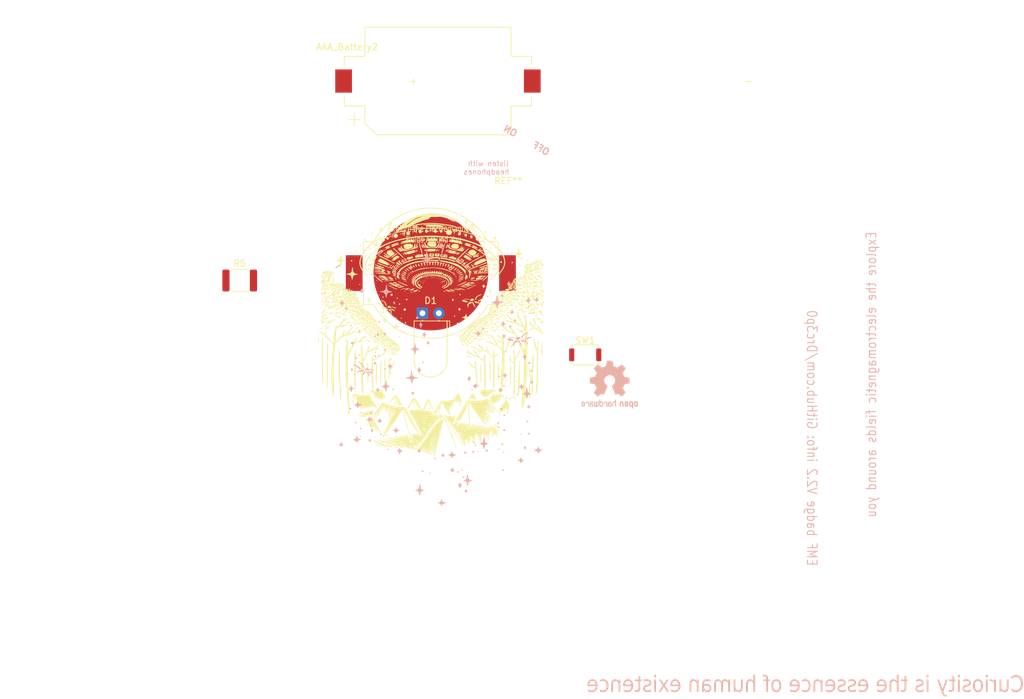
<source format=kicad_pcb>
(kicad_pcb (version 20240108) (generator "pcbnew") (generator_version "8.0")
  (layers (0 "F.Cu" signal) (31 "B.Cu" signal) (34 "B.Paste" user) (35 "F.Paste" user) (36 "B.SilkS" user "B.Silkscreen") (37 "F.SilkS" user "F.Silkscreen") (38 "B.Mask" user) (39 "F.Mask" user) (44 "Edge.Cuts" user))
  (net 0 "")
  (net 1 "Net-(AAA_Battery2--)")
  (net 2 "Net-(D1-A)")
  (net 3 "Net-(AAA_Battery2-+)")
  (net 4 "Net-(R5-Pad2)")
  (footprint "Battery:BatteryHolder_MPD_BC2003_1x2032" (layer "F.Cu") (at 110.035 125.99)
    (property "Reference" "REF**" (at 12 -14.35 0) (layer "F.SilkS"))
    (property "Value" "BatteryHolder_MPD_BC2003_1x2032")
    (pad "1" smd rect (at -11.905 0) (size 2.6 5.56) (layers "F.Cu" "F.Paste" "F.Mask"))
    (pad "1" smd rect (at 11.905 0) (size 2.6 5.56) (layers "F.Cu" "F.Paste" "F.Mask"))
    (pad "2" smd circle (at 0 0) (size 17.8 17.8) (layers "F.Cu" "F.Mask"))
  )
  (footprint "Resistor_SMD:R_1812_4532Metric" (layer "F.Cu") (at 80.3475 127.14)
    (property "Reference" "R5" (at 0 -2.65 0) (layer "F.SilkS"))
    (property "Value" "100")
    (pad "1" smd roundrect (at -2.1375 0) (size 1.125 3.4) (layers "F.Cu" "F.Paste" "F.Mask") (roundrect_rratio 0.222222) (net 2 "Net-(D1-A)"))
    (pad "2" smd roundrect (at 2.1375 0) (size 1.125 3.4) (layers "F.Cu" "F.Paste" "F.Mask") (roundrect_rratio 0.222222) (net 4 "Net-(R5-Pad2)"))
  )
  (footprint "LED_THT:LED_D5.0mm_Horizontal_O1.27mm_Z9.0mm" (layer "F.Cu") (at 108.731584 132.218022)
    (property "Reference" "D1" (at 1.27 -1.96 0) (layer "F.SilkS"))
    (property "Value" "LED")
    (pad "1" thru_hole rect (at 0 0) (size 1.8 1.8) (drill 0.9) (layers "*.Cu" "*.Mask") (net 1 "Net-(AAA_Battery2--)"))
    (pad "2" thru_hole circle (at 2.54 0) (size 1.8 1.8) (drill 0.9) (layers "*.Cu" "*.Mask") (net 2 "Net-(D1-A)"))
  )
  (footprint "Button_Switch_SMD:SW_Push_SPST_NO_Alps_SKRK" (layer "F.Cu") (at 134.01 138.69)
    (property "Reference" "SW1" (at 0 -2.25 0) (layer "F.SilkS"))
    (property "Value" "Push_Button")
    (pad "1" smd roundrect (at -2.1 0) (size 0.8 2) (layers "F.Cu" "F.Paste" "F.Mask") (net 4 "Net-(R5-Pad2)"))
    (pad "2" smd roundrect (at 2.1 0) (size 0.8 2) (layers "F.Cu" "F.Paste" "F.Mask") (net 3 "Net-(AAA_Battery2-+)"))
  )
  (footprint "Battery:BatteryHolder_Keystone_1060_1x2032" (layer "F.Cu") (at 111.135 96.14)
    (property "Reference" "AAA_Battery2" (at -14.125 -5.3 0) (layer "F.SilkS"))
    (property "Value" "<-Spring_side")
    (fp_text user "-" (at 48.26 0 0) (layer "F.SilkS"))
    (fp_text user "+" (at -3.81 0 0) (layer "F.SilkS"))
    (pad "1" smd rect (at -14.65 0 180) (size 2.6 3.6) (layers "F.Cu" "F.Paste" "F.Mask") (net 3 "Net-(AAA_Battery2-+)"))
    (pad "2" smd rect (at 14.65 0 180) (size 2.6 3.6) (layers "F.Cu" "F.Paste" "F.Mask") (net 1 "Net-(AAA_Battery2--)"))
  )
  (footprint "Symbol:OSHW-Logo2_9.8x8mm_SilkScreen" (layer "B.Cu") (at 137.81 143.315 180)
    (property "Reference" "REF**" (hide yes))
    (property "Value" "OSHW-Logo2_9.8x8mm_SilkScreen" (hide yes))
  )
  (gr_poly (pts (xy 122.622032 135.966961) (xy 122.555447 135.970387) (xy 122.488752 135.975942) (xy 122.421907 135.983608) (xy 122.354872 135.993366) (xy 122.287605 136.005197) (xy 122.220064 136.019083) (xy 122.152211 136.035005) (xy 122.152211 136.069215) (xy 122.830469 136.046039) (xy 123.223166 136.069215) (xy 123.223166 136.035005) (xy 123.155716 136.018432) (xy 123.088526 136.004156) (xy 123.021554 135.992158) (xy 122.954762 135.982419) (xy 122.888106 135.97492) (xy 122.821546 135.969643) (xy 122.755041 135.96657) (xy 122.68855 135.965682)) (fill solid) (layer "B.SilkS"))
  (gr_poly (pts (xy 116.414938 144.045056) (xy 116.4075 144.046478) (xy 116.400198 144.04859) (xy 116.393075 144.051347) (xy 116.386172 144.054702) (xy 116.379533 144.05861) (xy 116.373197 144.063028) (xy 116.367206 144.067909) (xy 116.361603 144.073207) (xy 116.35643 144.078879) (xy 116.351728 144.084879) (xy 116.347539 144.091162) (xy 116.343904 144.097682) (xy 116.340867 144.104395) (xy 116.338468 144.111255) (xy 116.336749 144.118217) (xy 116.335751 144.125236) (xy 116.335517 144.132266) (xy 116.33609 144.139264) (xy 116.337509 144.146183) (xy 116.339817 144.152978) (xy 116.343056 144.159604) (xy 116.347268 144.166016) (xy 116.352495 144.172169) (xy 116.358777 144.178018) (xy 116.366157 144.183518) (xy 116.374526 144.188569) (xy 116.382884 144.192579) (xy 116.391201 144.195594) (xy 116.399442 144.197661) (xy 116.407576 144.198825) (xy 116.415571 144.199133) (xy 116.423393 144.198632) (xy 116.431008 144.197367) (xy 116.438387 144.195385) (xy 116.445494 144.19273) (xy 116.452299 144.189452) (xy 116.458767 144.185596) (xy 116.464867 144.181206) (xy 116.470566 144.176331) (xy 116.47583 144.171016) (xy 116.480629 144.165307) (xy 116.484928 144.159251) (xy 116.488696 144.152894) (xy 116.491899 144.146282) (xy 116.494505 144.139462) (xy 116.496481 144.132479) (xy 116.497796 144.125381) (xy 116.498415 144.118212) (xy 116.498307 144.11102) (xy 116.497438 144.10385) (xy 116.495777 144.09675) (xy 116.49329 144.089765) (xy 116.489944 144.082941) (xy 116.485709 144.076325) (xy 116.480549 144.069963) (xy 116.474434 144.063901) (xy 116.467331 144.058186) (xy 116.460103 144.05352) (xy 116.452721 144.04986) (xy 116.445225 144.047159) (xy 116.437657 144.045373) (xy 116.430059 144.044458) (xy 116.422472 144.044367)) (fill solid) (layer "B.SilkS"))
  (gr_poly (pts (xy 98.514288 151.233283) (xy 98.508726 151.243315) (xy 98.498981 151.26399) (xy 98.490861 151.285392) (xy 98.484111 151.307418) (xy 98.478477 151.329967) (xy 98.473706 151.352936) (xy 98.46573 151.399723) (xy 98.458149 151.44696) (xy 98.453872 151.470491) (xy 98.44893 151.493827) (xy 98.443069 151.516865) (xy 98.436035 151.539505) (xy 98.427574 151.561642) (xy 98.417431 151.583174) (xy 98.408628 151.599013) (xy 98.399194 151.614137) (xy 98.389157 151.628572) (xy 98.378541 151.642343) (xy 98.367371 151.655471) (xy 98.355674 151.667984) (xy 98.330796 151.691258) (xy 98.304107 151.71236) (xy 98.275813 151.731488) (xy 98.246115 151.748837) (xy 98.215214 151.764602) (xy 98.183315 151.778981) (xy 98.150618 151.792168) (xy 98.117326 151.80436) (xy 98.083643 151.815754) (xy 97.949034 151.857259) (xy 97.949034 151.891506) (xy 98.064285 151.928561) (xy 98.12407 151.948761) (xy 98.153881 151.959643) (xy 98.1834 151.971187) (xy 98.21245 151.983495) (xy 98.240852 151.996672) (xy 98.26843 152.010823) (xy 98.295005 152.02605) (xy 98.3204 152.042458) (xy 98.344437 152.060152) (xy 98.366938 152.079235) (xy 98.377558 152.089331) (xy 98.387726 152.099812) (xy 98.391697 152.104535) (xy 98.395638 152.110059) (xy 98.403446 152.123268) (xy 98.411188 152.138956) (xy 98.418905 152.156639) (xy 98.434419 152.196058) (xy 98.4503 152.237657) (xy 98.458478 152.258067) (xy 98.466865 152.277571) (xy 98.475502 152.295688) (xy 98.484427 152.311933) (xy 98.48901 152.319203) (xy 98.49368 152.325823) (xy 98.498442 152.331734) (xy 98.503301 152.336876) (xy 98.508261 152.341187) (xy 98.513328 152.344607) (xy 98.518506 152.347076) (xy 98.5238 152.348534) (xy 98.528647 152.348753) (xy 98.533517 152.347788) (xy 98.538406 152.345711) (xy 98.543307 152.34259) (xy 98.548218 152.338495) (xy 98.553133 152.333497) (xy 98.562958 152.32107) (xy 98.572741 152.305869) (xy 98.582446 152.288454) (xy 98.592035 152.269386) (xy 98.601467 152.249223) (xy 98.636887 152.168833) (xy 98.644973 152.151601) (xy 98.652675 152.136635) (xy 98.659955 152.124495) (xy 98.666773 152.115741) (xy 98.693863 152.089729) (xy 98.722699 152.06634) (xy 98.753115 152.045355) (xy 98.784945 152.026554) (xy 98.818021 152.009719) (xy 98.852177 151.99463) (xy 98.887245 151.981067) (xy 98.923061 151.968812) (xy 98.959455 151.957645) (xy 98.996262 151.947345) (xy 99.070447 151.928475) (xy 99.144282 151.910447) (xy 99.216433 151.891506) (xy 99.216433 151.857259) (xy 99.183003 151.840609) (xy 99.148608 151.826096) (xy 99.113444 151.813296) (xy 99.077709 151.801791) (xy 98.933002 151.76028) (xy 98.89737 151.748923) (xy 98.862352 151.736332) (xy 98.828144 151.722086) (xy 98.794943 151.705764) (xy 98.778783 151.696692) (xy 98.762947 151.686943) (xy 98.747463 151.676465) (xy 98.732354 151.665203) (xy 98.717645 151.653107) (xy 98.703361 151.640123) (xy 98.689525 151.626198) (xy 98.676164 151.611281) (xy 98.661474 151.592336) (xy 98.647947 151.57174) (xy 98.635475 151.549694) (xy 98.623951 151.526402) (xy 98.613267 151.502066) (xy 98.603315 151.47689) (xy 98.593988 151.451074) (xy 98.585177 151.424824) (xy 98.552943 151.319522) (xy 98.537123 151.26953) (xy 98.52891 151.245907) (xy 98.52035 151.22347)) (fill solid) (layer "B.SilkS"))
  (gr_poly (pts (xy 125.234296 150.791776) (xy 125.216925 150.794262) (xy 125.198196 150.798753) (xy 125.180985 150.804635) (xy 125.165268 150.811802) (xy 125.151021 150.820143) (xy 125.138221 150.829554) (xy 125.126844 150.839925) (xy 125.116868 150.851149) (xy 125.108267 150.863118) (xy 125.101019 150.875725) (xy 125.095101 150.888861) (xy 125.090488 150.902419) (xy 125.087159 150.916292) (xy 125.085088 150.930371) (xy 125.084253 150.94455) (xy 125.084629 150.958719) (xy 125.086194 150.972773) (xy 125.088924 150.986601) (xy 125.092796 151.000098) (xy 125.097786 151.013156) (xy 125.103871 151.025666) (xy 125.111026 151.037521) (xy 125.11923 151.048613) (xy 125.128457 151.058836) (xy 125.138686 151.068079) (xy 125.149891 151.076237) (xy 125.162051 151.083202) (xy 125.17514 151.088865) (xy 125.189137 151.09312) (xy 125.204017 151.095857) (xy 125.219757 151.096971) (xy 125.236333 151.096352) (xy 125.253722 151.093894) (xy 125.271894 151.089547) (xy 125.288619 151.083789) (xy 125.303918 151.076728) (xy 125.31781 151.068472) (xy 125.330315 151.059132) (xy 125.341454 151.048813) (xy 125.351247 151.037628) (xy 125.359712 151.025684) (xy 125.366871 151.01309) (xy 125.372744 150.999954) (xy 125.37735 150.986386) (xy 125.380709 150.972494) (xy 125.382842 150.958387) (xy 125.383768 150.944174) (xy 125.383508 150.929964) (xy 125.382081 150.915865) (xy 125.379508 150.901987) (xy 125.375808 150.888439) (xy 125.371002 150.875328) (xy 125.365109 150.862764) (xy 125.358149 150.850855) (xy 125.350143 150.839712) (xy 125.341111 150.829441) (xy 125.331072 150.820153) (xy 125.320046 150.811956) (xy 125.308054 150.804958) (xy 125.295115 150.799269) (xy 125.28125 150.794998) (xy 125.266478 150.792252) (xy 125.25082 150.791142)) (fill solid) (layer "B.SilkS"))
  (gr_poly (pts (xy 104.612387 150.0306) (xy 104.60423 150.054632) (xy 104.595569 150.077408) (xy 104.586403 150.098982) (xy 104.57673 150.119407) (xy 104.566551 150.138738) (xy 104.555862 150.157027) (xy 104.544664 150.174329) (xy 104.532955 150.190698) (xy 104.520735 150.206188) (xy 104.508002 150.220852) (xy 104.494755 150.234744) (xy 104.466714 150.26043) (xy 104.436605 150.283675) (xy 104.404418 150.304911) (xy 104.370145 150.324569) (xy 104.333777 150.343079) (xy 104.295306 150.360873) (xy 104.212018 150.396033) (xy 104.12021 150.433498) (xy 104.12021 150.467761) (xy 104.169699 150.479711) (xy 104.217343 150.492251) (xy 104.263046 150.505678) (xy 104.306716 150.520288) (xy 104.348257 150.536379) (xy 104.387576 150.554247) (xy 104.406373 150.56394) (xy 104.424579 150.57419) (xy 104.442183 150.585032) (xy 104.459172 150.596503) (xy 104.475535 150.608641) (xy 104.491261 150.621484) (xy 104.506337 150.635067) (xy 104.520752 150.64943) (xy 104.534493 150.664607) (xy 104.54755 150.680637) (xy 104.55991 150.697557) (xy 104.571562 150.715403) (xy 104.582493 150.734213) (xy 104.592693 150.754024) (xy 104.602149 150.774872) (xy 104.61085 150.796797) (xy 104.618784 150.819832) (xy 104.625939 150.844018) (xy 104.632303 150.86939) (xy 104.637865 150.895985) (xy 104.655687 150.895985) (xy 104.821274 150.61986) (xy 105.155328 150.433498) (xy 105.103253 150.421818) (xy 105.055057 150.409288) (xy 105.010538 150.395657) (xy 104.96949 150.380679) (xy 104.931709 150.364103) (xy 104.913981 150.355138) (xy 104.896993 150.345681) (xy 104.880721 150.3357) (xy 104.865137 150.325165) (xy 104.850218 150.314044) (xy 104.835938 150.302306) (xy 104.82227 150.28992) (xy 104.80919 150.276856) (xy 104.796673 150.263081) (xy 104.784692 150.248565) (xy 104.773223 150.233277) (xy 104.762239 150.217186) (xy 104.751715 150.20026) (xy 104.741626 150.182469) (xy 104.731947 150.163782) (xy 104.722651 150.144167) (xy 104.705109 150.102029) (xy 104.688797 150.055809) (xy 104.673511 150.005257) (xy 104.62004 150.005257)) (fill solid) (layer "B.SilkS"))
  (gr_poly (pts (xy 101.998122 133.430299) (xy 101.987818 133.432276) (xy 101.977876 133.435256) (xy 101.968339 133.439175) (xy 101.959249 133.443967) (xy 101.950647 133.449567) (xy 101.942574 133.455909) (xy 101.935074 133.462928) (xy 101.928188 133.470558) (xy 101.921958 133.478736) (xy 101.916424 133.487393) (xy 101.911631 133.496466) (xy 101.907619 133.50589) (xy 101.90443 133.515598) (xy 101.902106 133.525525) (xy 101.90069 133.535606) (xy 101.900221 133.545776) (xy 101.900744 133.55597) (xy 101.902299 133.566121) (xy 101.904929 133.576164) (xy 101.908675 133.586035) (xy 101.913579 133.595668) (xy 101.919683 133.604996) (xy 101.927028 133.613956) (xy 101.935658 133.622481) (xy 101.945613 133.630507) (xy 101.956936 133.637967) (xy 101.969787 133.644844) (xy 101.982404 133.650112) (xy 101.99475 133.653845) (xy 102.006787 133.656124) (xy 102.018479 133.657023) (xy 102.029786 133.656623) (xy 102.040671 133.654998) (xy 102.051097 133.652229) (xy 102.061024 133.64839) (xy 102.070417 133.64356) (xy 102.079237 133.637816) (xy 102.087446 133.631237) (xy 102.095006 133.623898) (xy 102.101881 133.615877) (xy 102.108031 133.607252) (xy 102.113419 133.5981) (xy 102.118008 133.588499) (xy 102.12176 133.578526) (xy 102.124636 133.568258) (xy 102.1266 133.557773) (xy 102.127613 133.547148) (xy 102.127638 133.536461) (xy 102.126636 133.525789) (xy 102.124571 133.515208) (xy 102.121404 133.504798) (xy 102.117098 133.494635) (xy 102.111615 133.484796) (xy 102.104917 133.475359) (xy 102.096965 133.466402) (xy 102.087724 133.458002) (xy 102.077155 133.450235) (xy 102.06522 133.44318) (xy 102.053619 133.437761) (xy 102.042129 133.433738) (xy 102.030792 133.431046) (xy 102.019651 133.429619) (xy 102.008747 133.429392)) (fill solid) (layer "B.SilkS"))
  (gr_poly (pts (xy 124.670453 152.934632) (xy 124.655693 152.941949) (xy 124.641534 152.949605) (xy 124.627993 152.957591) (xy 124.615085 152.965901) (xy 124.602828 152.974527) (xy 124.591236 152.983461) (xy 124.580327 152.992694) (xy 124.570118 153.002223) (xy 124.560623 153.012036) (xy 124.55186 153.022129) (xy 124.543845 153.032493) (xy 124.536594 153.043121) (xy 124.530123 153.054004) (xy 124.52445 153.065138) (xy 124.519589 153.076512) (xy 124.515556 153.08812) (xy 124.51237 153.099955) (xy 124.510046 153.112009) (xy 124.5086 153.124275) (xy 124.508048 153.136745) (xy 124.508407 153.149412) (xy 124.509693 153.162269) (xy 124.511922 153.175308) (xy 124.515111 153.188521) (xy 124.519275 153.201902) (xy 124.524432 153.215442) (xy 124.530598 153.229135) (xy 124.537788 153.242973) (xy 124.546019 153.256948) (xy 124.555308 153.271053) (xy 124.559105 153.276823) (xy 124.562947 153.283141) (xy 124.570857 153.296995) (xy 124.579229 153.311749) (xy 124.583647 153.319194) (xy 124.588253 153.326539) (xy 124.59307 153.333676) (xy 124.598122 153.340499) (xy 124.603433 153.346898) (xy 124.606193 153.349905) (xy 124.609027 153.352765) (xy 124.611937 153.355466) (xy 124.614927 153.357993) (xy 124.618 153.360333) (xy 124.621159 153.362473) (xy 124.624406 153.364398) (xy 124.627745 153.366096) (xy 124.631178 153.367553) (xy 124.634709 153.368755) (xy 124.63946 153.369892) (xy 124.644068 153.370433) (xy 124.648538 153.37041) (xy 124.652872 153.369853) (xy 124.657075 153.368794) (xy 124.66115 153.367263) (xy 124.665099 153.365292) (xy 124.668927 153.362911) (xy 124.672637 153.360152) (xy 124.676232 153.357045) (xy 124.679716 153.353624) (xy 124.683092 153.349917) (xy 124.689536 153.341772) (xy 124.695588 153.33286) (xy 124.733238 153.263787) (xy 124.755424 153.232187) (xy 124.774116 153.204459) (xy 124.789375 153.180064) (xy 124.795735 153.168947) (xy 124.801258 153.158462) (xy 124.805952 153.148541) (xy 124.809823 153.139116) (xy 124.81288 153.13012) (xy 124.815129 153.121486) (xy 124.816578 153.113147) (xy 124.817234 153.105033) (xy 124.817103 153.09708) (xy 124.816195 153.08922) (xy 124.814515 153.081384) (xy 124.812071 153.073506) (xy 124.808871 153.065518) (xy 124.804921 153.057353) (xy 124.800228 153.048943) (xy 124.794801 153.040221) (xy 124.781772 153.021574) (xy 124.76589 153.000871) (xy 124.747213 152.977573) (xy 124.701711 152.921039)) (fill solid) (layer "B.SilkS"))
  (gr_poly (pts (xy 108.723164 156.663237) (xy 108.711357 156.665336) (xy 108.700142 156.668611) (xy 108.689548 156.67298) (xy 108.6796 156.678364) (xy 108.670326 156.684681) (xy 108.661753 156.69185) (xy 108.653907 156.69979) (xy 108.646815 156.70842) (xy 108.640504 156.717659) (xy 108.635001 156.727426) (xy 108.630333 156.737639) (xy 108.626527 156.748219) (xy 108.623609 156.759084) (xy 108.621607 156.770152) (xy 108.620547 156.781343) (xy 108.620456 156.792576) (xy 108.621362 156.80377) (xy 108.62329 156.814843) (xy 108.626268 156.825716) (xy 108.630323 156.836306) (xy 108.635481 156.846533) (xy 108.64177 156.856315) (xy 108.649216 156.865573) (xy 108.657845 156.874223) (xy 108.667686 156.882187) (xy 108.678765 156.889382) (xy 108.691109 156.895728) (xy 108.705685 156.901564) (xy 108.719937 156.905734) (xy 108.733824 156.908321) (xy 108.747303 156.909411) (xy 108.760333 156.909085) (xy 108.772873 156.907431) (xy 108.78488 156.90453) (xy 108.796313 156.900468) (xy 108.807131 156.895328) (xy 108.817291 156.889196) (xy 108.826751 156.882153) (xy 108.835472 156.874285) (xy 108.84341 156.865677) (xy 108.850524 156.856411) (xy 108.856772 156.846574) (xy 108.862112 156.836247) (xy 108.866504 156.825516) (xy 108.869906 156.814464) (xy 108.872274 156.803176) (xy 108.873568 156.791736) (xy 108.873747 156.780229) (xy 108.872768 156.768737) (xy 108.870591 156.757346) (xy 108.867172 156.746139) (xy 108.862471 156.7352) (xy 108.856446 156.724615) (xy 108.849055 156.714466) (xy 108.840257 156.704839) (xy 108.830009 156.695816) (xy 108.818271 156.687483) (xy 108.805 156.679923) (xy 108.790155 156.67322) (xy 108.775786 156.668223) (xy 108.761875 156.664807) (xy 108.74845 156.662892) (xy 108.735537 156.662395)) (fill solid) (layer "B.SilkS"))
  (gr_poly (pts (xy 99.153647 128.642984) (xy 98.933113 128.833543) (xy 98.96232 128.843862) (xy 98.990449 128.855107) (xy 99.017502 128.867307) (xy 99.043481 128.880487) (xy 99.068388 128.894673) (xy 99.092225 128.909892) (xy 99.114994 128.926171) (xy 99.136699 128.943536) (xy 99.157339 128.962012) (xy 99.176918 128.981629) (xy 99.195438 129.002409) (xy 99.212901 129.024381) (xy 99.229309 129.047571) (xy 99.244663 129.072005) (xy 99.258968 129.097709) (xy 99.272223 129.124711) (xy 99.32577 129.124711) (xy 99.331868 129.108213) (xy 99.338437 129.092429) (xy 99.345466 129.077332) (xy 99.352943 129.062896) (xy 99.360858 129.049092) (xy 99.369202 129.035894) (xy 99.37796 129.023274) (xy 99.387125 129.011206) (xy 99.396685 128.999663) (xy 99.406628 128.988616) (xy 99.416944 128.97804) (xy 99.427623 128.967906) (xy 99.438654 128.958189) (xy 99.450024 128.948859) (xy 99.473744 128.931258) (xy 99.498696 128.914886) (xy 99.524794 128.899524) (xy 99.551951 128.884957) (xy 99.58008 128.870968) (xy 99.638908 128.843851) (xy 99.700586 128.816438) (xy 99.414719 128.638754) (xy 99.290067 128.336916)) (fill solid) (layer "B.SilkS"))
  (gr_poly (pts (xy 97.624972 143.50333) (xy 97.613294 143.542166) (xy 97.60096 143.579105) (xy 97.587709 143.614157) (xy 97.573275 143.647331) (xy 97.557398 143.678634) (xy 97.548835 143.693587) (xy 97.539813 143.708076) (xy 97.530298 143.722103) (xy 97.520258 143.735667) (xy 97.509661 143.748771) (xy 97.498472 143.761415) (xy 97.486659 143.7736) (xy 97.47419 143.785329) (xy 97.461032 143.7966) (xy 97.447151 143.807417) (xy 97.432514 143.817779) (xy 97.41709 143.827689) (xy 97.400845 143.837147) (xy 97.383745 143.846154) (xy 97.36576 143.854711) (xy 97.346855 143.86282) (xy 97.326998 143.870482) (xy 97.306156 143.877697) (xy 97.284295 143.884467) (xy 97.261384 143.890793) (xy 97.488492 144.115196) (xy 97.654081 144.473317) (xy 97.663587 144.469209) (xy 97.672365 144.464426) (xy 97.680455 144.459003) (xy 97.687891 144.452975) (xy 97.694712 144.446379) (xy 97.700956 144.439249) (xy 97.70666 144.43162) (xy 97.711861 144.423528) (xy 97.716597 144.415008) (xy 97.720905 144.406096) (xy 97.728388 144.387235) (xy 97.73461 144.367227) (xy 97.739869 144.346356) (xy 97.757276 144.259871) (xy 97.762218 144.238914) (xy 97.767994 144.218786) (xy 97.774906 144.19977) (xy 97.778881 144.190767) (xy 97.783252 144.182148) (xy 97.796426 144.159875) (xy 97.810943 144.138682) (xy 97.826707 144.118514) (xy 97.843617 144.099319) (xy 97.861576 144.081041) (xy 97.880486 144.063629) (xy 97.900248 144.047027) (xy 97.920764 144.031182) (xy 97.941935 144.016039) (xy 97.963665 144.001545) (xy 97.985853 143.987646) (xy 98.008403 143.974288) (xy 98.054193 143.94898) (xy 98.100247 143.92519) (xy 98.100247 143.890793) (xy 98.055151 143.874152) (xy 98.013571 143.857071) (xy 97.975278 143.839354) (xy 97.94004 143.820807) (xy 97.90763 143.801236) (xy 97.877816 143.780445) (xy 97.850368 143.758239) (xy 97.825058 143.734424) (xy 97.801655 143.708804) (xy 97.779927 143.681186) (xy 97.759647 143.651375) (xy 97.740585 143.619174) (xy 97.722509 143.58439) (xy 97.70519 143.546828) (xy 97.688399 143.506293) (xy 97.671905 143.46259) (xy 97.636257 143.46259)) (fill solid) (layer "B.SilkS"))
  (gr_poly (pts (xy 123.983363 154.679618) (xy 123.975215 154.70365) (xy 123.966563 154.726425) (xy 123.957404 154.747997) (xy 123.94774 154.768422) (xy 123.937567 154.787751) (xy 123.926886 154.806039) (xy 123.915695 154.823342) (xy 123.903993 154.83971) (xy 123.891779 154.8552) (xy 123.879051 154.869864) (xy 123.865809 154.883756) (xy 123.837777 154.909442) (xy 123.807675 154.932686) (xy 123.775494 154.953923) (xy 123.741224 154.97358) (xy 123.704857 154.99209) (xy 123.666384 155.009882) (xy 123.583084 155.04504) (xy 123.491255 155.082499) (xy 123.491255 155.116765) (xy 123.540744 155.128715) (xy 123.588389 155.141255) (xy 123.634094 155.154682) (xy 123.677767 155.169293) (xy 123.71931 155.185385) (xy 123.758632 155.203254) (xy 123.77743 155.212949) (xy 123.795637 155.223198) (xy 123.813241 155.234041) (xy 123.83023 155.245513) (xy 123.846594 155.257653) (xy 123.862318 155.270496) (xy 123.877393 155.284081) (xy 123.891806 155.298443) (xy 123.905546 155.313622) (xy 123.918601 155.329652) (xy 123.930958 155.346572) (xy 123.942605 155.364419) (xy 123.953533 155.383229) (xy 123.963727 155.40304) (xy 123.973178 155.42389) (xy 123.981872 155.445814) (xy 123.989798 155.46885) (xy 123.996944 155.493036) (xy 124.0033 155.518408) (xy 124.008851 155.545003) (xy 124.026693 155.545003) (xy 124.19232 155.268861) (xy 124.526446 155.082499) (xy 124.474371 155.07082) (xy 124.426173 155.058291) (xy 124.381647 155.044661) (xy 124.340592 155.029684) (xy 124.302804 155.013109) (xy 124.285072 155.004146) (xy 124.268079 154.994689) (xy 124.251802 154.98471) (xy 124.236214 154.974175) (xy 124.221291 154.963055) (xy 124.207005 154.951318) (xy 124.193333 154.938933) (xy 124.180249 154.925869) (xy 124.167728 154.912096) (xy 124.155744 154.897581) (xy 124.144271 154.882293) (xy 124.133283 154.866203) (xy 124.122757 154.849278) (xy 124.112666 154.831488) (xy 124.102985 154.8128) (xy 124.093688 154.793186) (xy 124.076146 154.75105) (xy 124.059837 154.704829) (xy 124.044555 154.654276) (xy 123.991008 154.654276)) (fill solid) (layer "B.SilkS"))
  (gr_poly (pts (xy 121.717598 145.29089) (xy 121.709041 145.292001) (xy 121.700911 145.293997) (xy 121.693232 145.296818) (xy 121.686024 145.300406) (xy 121.67931 145.304703) (xy 121.67311 145.30965) (xy 121.667446 145.315187) (xy 121.66234 145.321258) (xy 121.657813 145.327804) (xy 121.653886 145.334765) (xy 121.650582 145.342084) (xy 121.647921 145.349702) (xy 121.645925 145.357559) (xy 121.644616 145.365599) (xy 121.644015 145.373762) (xy 121.644144 145.38199) (xy 121.645022 145.390224) (xy 121.646675 145.398406) (xy 121.64912 145.406477) (xy 121.652382 145.414379) (xy 121.65648 145.422053) (xy 121.661437 145.429441) (xy 121.667274 145.436484) (xy 121.674012 145.443124) (xy 121.681674 145.449301) (xy 121.690279 145.454959) (xy 121.699851 145.460038) (xy 121.710235 145.464407) (xy 121.720304 145.467569) (xy 121.730035 145.469584) (xy 121.739407 145.470512) (xy 121.748397 145.470413) (xy 121.756983 145.469348) (xy 121.765144 145.467378) (xy 121.772856 145.464562) (xy 121.780099 145.460962) (xy 121.786849 145.456637) (xy 121.793084 145.451649) (xy 121.798784 145.446058) (xy 121.803925 145.439923) (xy 121.808485 145.433307) (xy 121.812442 145.426269) (xy 121.815775 145.418868) (xy 121.818461 145.411167) (xy 121.820477 145.403226) (xy 121.821802 145.395104) (xy 121.822414 145.386863) (xy 121.82229 145.378562) (xy 121.821409 145.370263) (xy 121.819748 145.362025) (xy 121.817286 145.35391) (xy 121.813999 145.345977) (xy 121.809867 145.338287) (xy 121.804866 145.330901) (xy 121.798975 145.323879) (xy 121.792172 145.317281) (xy 121.784434 145.311169) (xy 121.77574 145.305601) (xy 121.766067 145.300639) (xy 121.755688 145.296453) (xy 121.74563 145.293444) (xy 121.735915 145.291552) (xy 121.726564 145.290721)) (fill solid) (layer "B.SilkS"))
  (gr_poly (pts (xy 103.340463 153.300972) (xy 103.330628 153.302398) (xy 103.321161 153.304818) (xy 103.31209 153.308167) (xy 103.303447 153.312376) (xy 103.295261 153.317378) (xy 103.287563 153.323106) (xy 103.280384 153.329492) (xy 103.273753 153.336468) (xy 103.267701 153.343967) (xy 103.262257 153.351921) (xy 103.257453 153.360263) (xy 103.253319 153.368926) (xy 103.249885 153.377842) (xy 103.24718 153.386943) (xy 103.245237 153.396162) (xy 103.244084 153.405431) (xy 103.243753 153.414684) (xy 103.244273 153.423852) (xy 103.245674 153.432867) (xy 103.247987 153.441664) (xy 103.251244 153.450173) (xy 103.255472 153.458328) (xy 103.260703 153.466061) (xy 103.266967 153.473303) (xy 103.274295 153.479989) (xy 103.282717 153.486051) (xy 103.292263 153.49142) (xy 103.302963 153.496029) (xy 103.313681 153.499374) (xy 103.324196 153.501426) (xy 103.334475 153.502253) (xy 103.344486 153.501927) (xy 103.354194 153.500515) (xy 103.363568 153.498088) (xy 103.372576 153.494717) (xy 103.381184 153.490469) (xy 103.389359 153.485414) (xy 103.397069 153.479622) (xy 103.404283 153.473164) (xy 103.410965 153.466107) (xy 103.417084 153.458522) (xy 103.422607 153.450479) (xy 103.427502 153.442047) (xy 103.431736 153.433295) (xy 103.435276 153.424293) (xy 103.438089 153.415111) (xy 103.440142 153.405818) (xy 103.441404 153.396484) (xy 103.441841 153.387178) (xy 103.441421 153.377969) (xy 103.44011 153.368928) (xy 103.437877 153.360125) (xy 103.434687 153.351628) (xy 103.43051 153.343507) (xy 103.425312 153.335832) (xy 103.41906 153.328671) (xy 103.411722 153.322096) (xy 103.403264 153.316176) (xy 103.393655 153.310979) (xy 103.382862 153.306574) (xy 103.371863 153.303344) (xy 103.36111 153.301378) (xy 103.350634 153.300609)) (fill solid) (layer "B.SilkS"))
  (gr_poly (pts (xy 97.625152 134.079876) (xy 97.615174 134.081496) (xy 97.603986 134.084462) (xy 97.593838 134.088279) (xy 97.584708 134.092878) (xy 97.576572 134.09819) (xy 97.569412 134.104148) (xy 97.563202 134.110682) (xy 97.557923 134.117725) (xy 97.553553 134.125207) (xy 97.550069 134.13306) (xy 97.54745 134.141215) (xy 97.545674 134.149605) (xy 97.544719 134.158159) (xy 97.544563 134.166812) (xy 97.545184 134.175492) (xy 97.546561 134.184132) (xy 97.548672 134.192663) (xy 97.551495 134.201016) (xy 97.555008 134.209125) (xy 97.559189 134.216918) (xy 97.564017 134.224329) (xy 97.569469 134.231288) (xy 97.575525 134.237727) (xy 97.58216 134.243578) (xy 97.589356 134.248772) (xy 97.597089 134.25324) (xy 97.605336 134.256914) (xy 97.614078 134.259725) (xy 97.623292 134.261605) (xy 97.632956 134.262485) (xy 97.643048 134.262298) (xy 97.653546 134.260973) (xy 97.664429 134.258443) (xy 97.674206 134.255118) (xy 97.683068 134.251048) (xy 97.691032 134.246292) (xy 97.698118 134.240911) (xy 97.704344 134.234965) (xy 97.709728 134.228515) (xy 97.714289 134.221621) (xy 97.718047 134.214343) (xy 97.721018 134.206742) (xy 97.723221 134.198878) (xy 97.724677 134.190811) (xy 97.725402 134.182602) (xy 97.725416 134.174312) (xy 97.724736 134.166) (xy 97.723383 134.157726) (xy 97.721374 134.149552) (xy 97.718727 134.141537) (xy 97.715462 134.133742) (xy 97.711596 134.126228) (xy 97.707149 134.119053) (xy 97.702138 134.11228) (xy 97.696584 134.105968) (xy 97.690503 134.100178) (xy 97.683915 134.094969) (xy 97.676838 134.090404) (xy 97.669291 134.08654) (xy 97.661293 134.08344) (xy 97.652861 134.081163) (xy 97.644014 134.07977) (xy 97.634772 134.07932)) (fill solid) (layer "B.SilkS"))
  (gr_poly (pts (xy 97.784706 132.596033) (xy 97.778497 132.596842) (xy 97.77249 132.598269) (xy 97.76671 132.600274) (xy 97.761181 132.602818) (xy 97.75593 132.605862) (xy 97.750979 132.609366) (xy 97.746354 132.613293) (xy 97.742081 132.617601) (xy 97.738184 132.622254) (xy 97.734687 132.62721) (xy 97.731616 132.632432) (xy 97.728995 132.637879) (xy 97.72685 132.643513) (xy 97.725205 132.649296) (xy 97.724084 132.655187) (xy 97.723514 132.661147) (xy 97.723518 132.667137) (xy 97.724122 132.673119) (xy 97.725351 132.679052) (xy 97.727228 132.684899) (xy 97.72978 132.690619) (xy 97.73303 132.696174) (xy 97.737004 132.701525) (xy 97.741727 132.706631) (xy 97.747224 132.711455) (xy 97.753518 132.715957) (xy 97.760404 132.719958) (xy 97.767245 132.723057) (xy 97.774015 132.725294) (xy 97.780689 132.726714) (xy 97.787243 132.727358) (xy 97.793649 132.727268) (xy 97.799883 132.726487) (xy 97.805919 132.725058) (xy 97.81173 132.723023) (xy 97.817293 132.720423) (xy 97.822581 132.717303) (xy 97.827568 132.713702) (xy 97.832229 132.709665) (xy 97.836538 132.705235) (xy 97.84047 132.700451) (xy 97.844 132.695358) (xy 97.8471 132.689998) (xy 97.849748 132.684413) (xy 97.851915 132.678646) (xy 97.853578 132.672738) (xy 97.854709 132.666732) (xy 97.855285 132.660672) (xy 97.855277 132.654597) (xy 97.854663 132.648552) (xy 97.853416 132.64258) (xy 97.851511 132.63672) (xy 97.84892 132.631018) (xy 97.84562 132.625514) (xy 97.841585 132.620252) (xy 97.836789 132.615272) (xy 97.831206 132.610619) (xy 97.824811 132.606334) (xy 97.817912 132.602617) (xy 97.811065 132.599753) (xy 97.804297 132.597701) (xy 97.797631 132.596423) (xy 97.791092 132.595881)) (fill solid) (layer "B.SilkS"))
  (gr_poly (pts (xy 123.694482 136.399971) (xy 123.684681 136.405468) (xy 123.675564 136.41109) (xy 123.667117 136.41684) (xy 123.659325 136.422716) (xy 123.652176 136.428723) (xy 123.645654 136.43486) (xy 123.639746 136.441128) (xy 123.634438 136.44753) (xy 123.629715 136.454066) (xy 123.625563 136.460738) (xy 123.62197 136.467546) (xy 123.618919 136.474494) (xy 123.616399 136.48158) (xy 123.614394 136.488807) (xy 123.61289 136.496176) (xy 123.611874 136.503689) (xy 123.61133 136.511346) (xy 123.611247 136.519149) (xy 123.611608 136.527099) (xy 123.612401 136.535199) (xy 123.613611 136.543447) (xy 123.615224 136.551846) (xy 123.617226 136.560399) (xy 123.619603 136.569104) (xy 123.622341 136.577964) (xy 123.628844 136.596154) (xy 123.636623 136.614979) (xy 123.645565 136.634449) (xy 123.722306 136.794331) (xy 123.766585 136.881697) (xy 123.790231 136.925752) (xy 123.814893 136.96949) (xy 123.840579 137.012486) (xy 123.867297 137.054317) (xy 123.895056 137.094558) (xy 123.923865 137.132785) (xy 123.953732 137.168575) (xy 123.984665 137.201503) (xy 124.016672 137.231144) (xy 124.049762 137.257075) (xy 124.059193 137.263358) (xy 124.06847 137.268743) (xy 124.077588 137.273255) (xy 124.086538 137.276923) (xy 124.095313 137.279774) (xy 124.103908 137.281835) (xy 124.112314 137.283134) (xy 124.120524 137.2837) (xy 124.128532 137.283558) (xy 124.136329 137.282736) (xy 124.14391 137.281262) (xy 124.151267 137.279165) (xy 124.158392 137.276469) (xy 124.16528 137.273205) (xy 124.171923 137.269398) (xy 124.178313 137.265076) (xy 124.184444 137.260268) (xy 124.190308 137.254999) (xy 124.195899 137.249298) (xy 124.201209 137.243194) (xy 124.206231 137.236711) (xy 124.210959 137.229879) (xy 124.215384 137.222724) (xy 124.219501 137.215275) (xy 124.223301 137.207559) (xy 124.226778 137.199602) (xy 124.229925 137.191434) (xy 124.232734 137.18308) (xy 124.235199 137.17457) (xy 124.237313 137.165929) (xy 124.239068 137.157186) (xy 124.240457 137.148368) (xy 124.097676 137.216791) (xy 124.093827 137.190749) (xy 124.088791 137.164669) (xy 124.075418 137.112418) (xy 124.058069 137.060087) (xy 124.03726 137.007726) (xy 124.013507 136.955381) (xy 123.987322 136.903102) (xy 123.95922 136.850937) (xy 123.929717 136.798935) (xy 123.807979 136.593525) (xy 123.779186 136.543065) (xy 123.752079 136.493057) (xy 123.727172 136.443552) (xy 123.70498 136.394599)) (fill solid) (layer "B.SilkS"))
  (gr_poly (pts (xy 103.036371 142.642382) (xy 103.024353 142.694226) (xy 103.003275 142.802526) (xy 102.983014 142.914288) (xy 102.959827 143.026286) (xy 102.945963 143.081367) (xy 102.929962 143.135298) (xy 102.911354 143.187675) (xy 102.889671 143.238097) (xy 102.864445 143.286158) (xy 102.850358 143.309178) (xy 102.835209 143.331457) (xy 102.818939 143.352945) (xy 102.801491 143.373591) (xy 102.782806 143.393344) (xy 102.762825 143.412155) (xy 102.739959 143.431151) (xy 102.715765 143.448839) (xy 102.690386 143.46533) (xy 102.663967 143.480738) (xy 102.636652 143.495174) (xy 102.608584 143.508752) (xy 102.579908 143.521582) (xy 102.550769 143.533778) (xy 102.318229 143.621967) (xy 102.318229 143.639099) (xy 102.354203 143.651502) (xy 102.39109 143.662441) (xy 102.466647 143.681488) (xy 102.542995 143.699357) (xy 102.580869 143.708822) (xy 102.618227 143.719162) (xy 102.65483 143.730763) (xy 102.690439 143.744018) (xy 102.724817 143.759314) (xy 102.757725 143.77704) (xy 102.773554 143.786937) (xy 102.788926 143.797587) (xy 102.803811 143.809039) (xy 102.81818 143.821343) (xy 102.832003 143.834547) (xy 102.845251 143.848699) (xy 102.857893 143.863848) (xy 102.869899 143.880043) (xy 102.879097 143.894252) (xy 102.887425 143.90924) (xy 102.89495 143.924945) (xy 102.901739 143.941304) (xy 102.913383 143.975735) (xy 102.922896 144.012033) (xy 102.930821 144.049698) (xy 102.937698 144.088228) (xy 102.950473 144.165887) (xy 102.957452 144.204015) (xy 102.965546 144.241007) (xy 102.975299 144.276364) (xy 102.987248 144.309587) (xy 102.994216 144.325241) (xy 103.001936 144.340173) (xy 103.010476 144.354322) (xy 103.019904 144.367624) (xy 103.030287 144.380016) (xy 103.041692 144.391437) (xy 103.054189 144.401825) (xy 103.067842 144.411115) (xy 103.0831 144.364288) (xy 103.095665 144.316996) (xy 103.10622 144.269453) (xy 103.115448 144.221873) (xy 103.132656 144.127454) (xy 103.142001 144.081042) (xy 103.15275 144.035447) (xy 103.165588 143.990881) (xy 103.181195 143.947557) (xy 103.200256 143.905691) (xy 103.211296 143.885371) (xy 103.223454 143.865495) (xy 103.236817 143.846089) (xy 103.25147 143.827182) (xy 103.2675 143.808798) (xy 103.284989 143.790966) (xy 103.304026 143.77371) (xy 103.324693 143.757059) (xy 103.347078 143.741039) (xy 103.371264 143.725677) (xy 103.391861 143.71414) (xy 103.413297 143.703575) (xy 103.435472 143.693888) (xy 103.458287 143.684984) (xy 103.481644 143.676768) (xy 103.505445 143.669147) (xy 103.553979 143.655309) (xy 103.652017 143.630609) (xy 103.69994 143.618235) (xy 103.746079 143.604837) (xy 103.746079 143.570392) (xy 103.696528 143.559148) (xy 103.645879 143.549245) (xy 103.594757 143.539536) (xy 103.543788 143.528876) (xy 103.518556 143.52283) (xy 103.493598 143.516116) (xy 103.46899 143.508592) (xy 103.444812 143.500113) (xy 103.421141 143.490536) (xy 103.398057 143.479718) (xy 103.375636 143.467516) (xy 103.353958 143.453787) (xy 103.326891 143.433799) (xy 103.302546 143.412668) (xy 103.280763 143.390464) (xy 103.261385 143.367257) (xy 103.244251 143.343117) (xy 103.229203 143.318112) (xy 103.216083 143.292313) (xy 103.204732 143.265788) (xy 103.19499 143.238608) (xy 103.186699 143.210842) (xy 103.173835 143.153832) (xy 103.164869 143.095313) (xy 103.158532 143.035842) (xy 103.14866 142.916272) (xy 103.142585 142.857286) (xy 103.134056 142.799575) (xy 103.121804 142.743696) (xy 103.113884 142.716616) (xy 103.104557 142.690204) (xy 103.093663 142.664528) (xy 103.081046 142.639658) (xy 103.066543 142.615664) (xy 103.049999 142.592614)) (fill solid) (layer "B.SilkS"))
  (gr_poly (pts (xy 100.75614 147.671469) (xy 100.741456 147.67385) (xy 100.726355 147.677824) (xy 100.71088 147.683475) (xy 100.69671 147.690184) (xy 100.683938 147.697853) (xy 100.672536 147.706391) (xy 100.662476 147.715705) (xy 100.653729 147.725704) (xy 100.64627 147.736296) (xy 100.64007 147.74739) (xy 100.635101 147.758893) (xy 100.631335 147.770715) (xy 100.628745 147.782764) (xy 100.627304 147.794947) (xy 100.626983 147.807174) (xy 100.627755 147.819353) (xy 100.629591 147.831392) (xy 100.632465 147.843199) (xy 100.636349 147.854683) (xy 100.641215 147.865752) (xy 100.647035 147.876315) (xy 100.653783 147.886279) (xy 100.661429 147.895554) (xy 100.669946 147.904047) (xy 100.679307 147.911667) (xy 100.689484 147.918322) (xy 100.700449 147.923921) (xy 100.712174 147.928372) (xy 100.724633 147.931583) (xy 100.737796 147.933462) (xy 100.751638 147.933919) (xy 100.766128 147.932861) (xy 100.781241 147.930198) (xy 100.796948 147.925835) (xy 100.813222 147.919683) (xy 100.828763 147.912222) (xy 100.842679 147.90393) (xy 100.85501 147.894891) (xy 100.865798 147.885189) (xy 100.875086 147.874908) (xy 100.882915 147.86413) (xy 100.889326 147.852939) (xy 100.894362 147.84142) (xy 100.898063 147.829654) (xy 100.900472 147.817726) (xy 100.901631 147.805721) (xy 100.90158 147.79372) (xy 100.900362 147.781808) (xy 100.898019 147.770069) (xy 100.894591 147.758585) (xy 100.890122 147.747441) (xy 100.884652 147.736719) (xy 100.878222 147.726504) (xy 100.870876 147.716879) (xy 100.862654 147.707928) (xy 100.853599 147.699734) (xy 100.843751 147.692381) (xy 100.833153 147.685952) (xy 100.821846 147.680531) (xy 100.809872 147.676201) (xy 100.797272 147.673046) (xy 100.78409 147.671151) (xy 100.770365 147.670597)) (fill solid) (layer "B.SilkS"))
  (gr_poly (pts (xy 113.219021 156.475181) (xy 112.998487 156.665829) (xy 113.027694 156.676145) (xy 113.055823 156.687391) (xy 113.082876 156.699592) (xy 113.108855 156.712774) (xy 113.133762 156.726964) (xy 113.157599 156.742188) (xy 113.180368 156.758472) (xy 113.202072 156.775842) (xy 113.222712 156.794324) (xy 113.242292 156.813944) (xy 113.260812 156.834729) (xy 113.278275 156.856705) (xy 113.294683 156.879897) (xy 113.310037 156.904333) (xy 113.324342 156.930038) (xy 113.337597 156.957038) (xy 113.391144 156.957038) (xy 113.397244 156.940526) (xy 113.403815 156.92473) (xy 113.410845 156.909622) (xy 113.418323 156.895176) (xy 113.42624 156.881363) (xy 113.434584 156.868158) (xy 113.443344 156.855532) (xy 113.452509 156.843458) (xy 113.46207 156.83191) (xy 113.472014 156.82086) (xy 113.482331 156.81028) (xy 113.49301 156.800144) (xy 113.50404 156.790424) (xy 113.515411 156.781094) (xy 113.539131 156.763492) (xy 113.564083 156.747122) (xy 113.59018 156.731763) (xy 113.617336 156.717201) (xy 113.645463 156.703216) (xy 113.704288 156.676111) (xy 113.76596 156.648705) (xy 113.480091 156.471079) (xy 113.355459 156.169076)) (fill solid) (layer "B.SilkS"))
  (gr_poly (pts (xy 103.286359 151.149687) (xy 103.277698 151.150709) (xy 103.269299 151.152498) (xy 103.261202 151.155003) (xy 103.25344 151.158171) (xy 103.246052 151.161949) (xy 103.239074 151.166288) (xy 103.232541 151.171133) (xy 103.226491 151.176435) (xy 103.22096 151.182139) (xy 103.215985 151.188195) (xy 103.211602 151.194551) (xy 103.207847 151.201156) (xy 103.204757 151.207956) (xy 103.20237 151.2149) (xy 103.20072 151.221936) (xy 103.199845 151.229013) (xy 103.199781 151.236078) (xy 103.200565 151.243079) (xy 103.202233 151.249965) (xy 103.204822 151.256683) (xy 103.208368 151.263183) (xy 103.212907 151.269411) (xy 103.218477 151.275316) (xy 103.225114 151.280845) (xy 103.232854 151.285949) (xy 103.241734 151.290573) (xy 103.25179 151.294667) (xy 103.260006 151.297149) (xy 103.268204 151.298756) (xy 103.276347 151.29953) (xy 103.284402 151.299518) (xy 103.292332 151.298761) (xy 103.300105 151.297304) (xy 103.307683 151.295192) (xy 103.315034 151.292467) (xy 103.322121 151.289176) (xy 103.32891 151.285359) (xy 103.335367 151.281064) (xy 103.341455 151.276332) (xy 103.347141 151.271209) (xy 103.35239 151.265737) (xy 103.357165 151.259961) (xy 103.361435 151.253926) (xy 103.365162 151.247674) (xy 103.368312 151.241251) (xy 103.370851 151.234699) (xy 103.372744 151.228064) (xy 103.373955 151.221389) (xy 103.374449 151.214717) (xy 103.374193 151.208093) (xy 103.373151 151.201562) (xy 103.371288 151.195165) (xy 103.36857 151.18895) (xy 103.364961 151.182958) (xy 103.360427 151.177233) (xy 103.354932 151.171821) (xy 103.348443 151.166764) (xy 103.340924 151.162108) (xy 103.33234 151.157895) (xy 103.322909 151.154304) (xy 103.313559 151.15174) (xy 103.304326 151.15015) (xy 103.295247 151.149483)) (fill solid) (layer "B.SilkS"))
  (gr_poly (pts (xy 123.187517 136.497419) (xy 123.156253 136.511141) (xy 123.125995 136.526721) (xy 123.096802 136.544061) (xy 123.068732 136.563063) (xy 123.041841 136.583628) (xy 123.016189 136.605658) (xy 122.991832 136.629055) (xy 122.968829 136.653722) (xy 122.947238 136.679558) (xy 122.927116 136.706468) (xy 122.908522 136.734351) (xy 122.891512 136.763111) (xy 122.876146 136.792649) (xy 122.86248 136.822867) (xy 122.850573 136.853666) (xy 122.840482 136.884949) (xy 122.832265 136.916617) (xy 122.825981 136.948572) (xy 122.821686 136.980716) (xy 122.819439 137.012951) (xy 122.819297 137.045179) (xy 122.821319 137.077301) (xy 122.825563 137.109219) (xy 122.832085 137.140835) (xy 122.840944 137.172051) (xy 122.852198 137.202769) (xy 122.865904 137.23289) (xy 122.882121 137.262317) (xy 122.900906 137.290951) (xy 122.922318 137.318694) (xy 122.946413 137.345448) (xy 122.97325 137.371114) (xy 122.978122 137.344544) (xy 122.981005 137.317511) (xy 122.982188 137.290086) (xy 122.981964 137.262339) (xy 122.980623 137.234342) (xy 122.978458 137.206167) (xy 122.972818 137.149563) (xy 122.967377 137.093098) (xy 122.965458 137.065095) (xy 122.964463 137.03734) (xy 122.964684 137.009903) (xy 122.96641 136.982857) (xy 122.969935 136.956272) (xy 122.975549 136.93022) (xy 122.978862 136.919706) (xy 122.982858 136.910479) (xy 122.987465 136.902439) (xy 122.992612 136.895487) (xy 122.998226 136.889523) (xy 123.004234 136.884447) (xy 123.010566 136.88016) (xy 123.017147 136.87656) (xy 123.023907 136.87355) (xy 123.030773 136.871029) (xy 123.044534 136.867053) (xy 123.070154 136.860578) (xy 123.075741 136.858685) (xy 123.080857 136.856483) (xy 123.08543 136.853871) (xy 123.089387 136.85075) (xy 123.092655 136.847021) (xy 123.095163 136.842582) (xy 123.096839 136.837335) (xy 123.097611 136.831181) (xy 123.097406 136.824018) (xy 123.096153 136.815747) (xy 123.093778 136.806269) (xy 123.090209 136.795483) (xy 123.085375 136.783291) (xy 123.079204 136.769591) (xy 123.071623 136.754284) (xy 123.06256 136.737272) (xy 123.183798 136.737079) (xy 123.221771 136.735928) (xy 123.261021 136.733711) (xy 123.300658 136.730117) (xy 123.339786 136.724832) (xy 123.377512 136.717546) (xy 123.412944 136.707944) (xy 123.42952 136.702177) (xy 123.445187 136.695715) (xy 123.459834 136.688518) (xy 123.47335 136.680547) (xy 123.485621 136.671763) (xy 123.496537 136.662127) (xy 123.505986 136.651601) (xy 123.513857 136.640144) (xy 123.520037 136.627718) (xy 123.524415 136.614285) (xy 123.526879 136.599804) (xy 123.527319 136.584236) (xy 123.526199 136.574371) (xy 123.523715 136.564876) (xy 123.519943 136.555743) (xy 123.514958 136.546963) (xy 123.508835 136.53853) (xy 123.501648 136.530433) (xy 123.493473 136.522666) (xy 123.484385 136.515221) (xy 123.47446 136.508088) (xy 123.46377 136.501261) (xy 123.452394 136.494729) (xy 123.440404 136.488487) (xy 123.414886 136.476836) (xy 123.387819 136.466242) (xy 123.359801 136.456638) (xy 123.331433 136.447962) (xy 123.303317 136.440147) (xy 123.276052 136.433127) (xy 123.187517 136.411704)) (fill solid) (layer "B.SilkS"))
  (gr_poly (pts (xy 120.5567 144.161711) (xy 120.824421 144.590095) (xy 120.984852 144.334057) (xy 121.199216 144.161711) (xy 121.181053 144.15708) (xy 121.163596 144.151824) (xy 121.14682 144.145963) (xy 121.130699 144.139515) (xy 121.115209 144.132502) (xy 121.100322 144.124942) (xy 121.086015 144.116857) (xy 121.072261 144.108265) (xy 121.059036 144.099188) (xy 121.046315 144.089645) (xy 121.022277 144.069239) (xy 120.999946 144.047209) (xy 120.97912 144.023712) (xy 120.959594 143.998909) (xy 120.941165 143.97296) (xy 120.923631 143.946023) (xy 120.906788 143.918259) (xy 120.874362 143.860885) (xy 120.842263 143.802115)) (fill solid) (layer "B.SilkS"))
  (gr_poly (pts (xy 120.963417 146.970118) (xy 120.950564 146.971928) (xy 120.938071 146.974974) (xy 120.925985 146.979173) (xy 120.914354 146.984445) (xy 120.903226 146.990707) (xy 120.892649 146.997877) (xy 120.882669 147.005874) (xy 120.873336 147.014615) (xy 120.864697 147.024019) (xy 120.856798 147.034005) (xy 120.849689 147.044489) (xy 120.843416 147.055392) (xy 120.838027 147.066629) (xy 120.833569 147.078121) (xy 120.830092 147.089784) (xy 120.827641 147.101538) (xy 120.826265 147.113299) (xy 120.826012 147.124988) (xy 120.826929 147.136521) (xy 120.829064 147.147817) (xy 120.832464 147.158794) (xy 120.837177 147.169371) (xy 120.84325 147.179464) (xy 120.850733 147.188993) (xy 120.859672 147.197876) (xy 120.870113 147.206031) (xy 120.882107 147.213376) (xy 120.8957 147.21983) (xy 120.911275 147.225413) (xy 120.926658 147.229231) (xy 120.941792 147.231376) (xy 120.956618 147.231939) (xy 120.971082 147.231012) (xy 120.985127 147.228686) (xy 120.998695 147.225052) (xy 121.011731 147.220203) (xy 121.024176 147.214229) (xy 121.035976 147.207222) (xy 121.047074 147.199274) (xy 121.057411 147.190476) (xy 121.066934 147.180919) (xy 121.075583 147.170696) (xy 121.083302 147.159896) (xy 121.090036 147.148612) (xy 121.095728 147.136936) (xy 121.10032 147.124958) (xy 121.103756 147.112771) (xy 121.10598 147.100466) (xy 121.106935 147.088133) (xy 121.106564 147.075865) (xy 121.104811 147.063754) (xy 121.101619 147.05189) (xy 121.09693 147.040366) (xy 121.09069 147.029271) (xy 121.08284 147.018699) (xy 121.073325 147.008741) (xy 121.062088 146.999487) (xy 121.049072 146.99103) (xy 121.034221 146.98346) (xy 121.017477 146.976871) (xy 121.003661 146.97292) (xy 120.990014 146.970532) (xy 120.976583 146.969625)) (fill solid) (layer "B.SilkS"))
  (gr_poly (pts (xy 101.337507 135.737259) (xy 101.326754 135.73922) (xy 101.315757 135.742445) (xy 101.304963 135.746848) (xy 101.295353 135.752046) (xy 101.286896 135.757967) (xy 101.279558 135.764543) (xy 101.273305 135.771704) (xy 101.268107 135.77938) (xy 101.26393 135.787502) (xy 101.260741 135.795999) (xy 101.258507 135.804804) (xy 101.257196 135.813846) (xy 101.256776 135.823055) (xy 101.257213 135.832362) (xy 101.258475 135.841698) (xy 101.260529 135.850991) (xy 101.263342 135.860175) (xy 101.266881 135.869177) (xy 101.271115 135.87793) (xy 101.27601 135.886363) (xy 101.281533 135.894407) (xy 101.287653 135.901992) (xy 101.294335 135.909048) (xy 101.301547 135.915507) (xy 101.309258 135.921298) (xy 101.317434 135.926352) (xy 101.326041 135.9306) (xy 101.335049 135.933971) (xy 101.344423 135.936396) (xy 101.354133 135.937806) (xy 101.364143 135.938131) (xy 101.374421 135.937301) (xy 101.384937 135.935247) (xy 101.395655 135.9319) (xy 101.406355 135.92729) (xy 101.415901 135.921921) (xy 101.424322 135.91586) (xy 101.43165 135.909176) (xy 101.437914 135.901935) (xy 101.443145 135.894204) (xy 101.447374 135.88605) (xy 101.45063 135.877543) (xy 101.452943 135.868749) (xy 101.454345 135.859735) (xy 101.454864 135.85057) (xy 101.454533 135.841319) (xy 101.45338 135.832052) (xy 101.451436 135.822835) (xy 101.448733 135.813736) (xy 101.445299 135.804822) (xy 101.441164 135.796161) (xy 101.43636 135.78782) (xy 101.430917 135.779866) (xy 101.424864 135.772368) (xy 101.418234 135.765392) (xy 101.411054 135.759007) (xy 101.403356 135.753279) (xy 101.395171 135.748276) (xy 101.386528 135.744065) (xy 101.377457 135.740714) (xy 101.367989 135.738291) (xy 101.358155 135.736862) (xy 101.347984 135.736496)) (fill solid) (layer "B.SilkS"))
  (gr_poly (pts (xy 99.75561 141.054948) (xy 99.758157 141.06254) (xy 99.760964 141.069757) (xy 99.764024 141.076612) (xy 99.767334 141.083115) (xy 99.770887 141.089278) (xy 99.774678 141.095112) (xy 99.778703 141.100628) (xy 99.782956 141.105837) (xy 99.787432 141.110751) (xy 99.792126 141.115381) (xy 99.797032 141.119737) (xy 99.802146 141.123833) (xy 99.807463 141.127678) (xy 99.812975 141.131283) (xy 99.81868 141.134662) (xy 99.824571 141.137823) (xy 99.830645 141.140779) (xy 99.836893 141.143541) (xy 99.843313 141.14612) (xy 99.856646 141.150773) (xy 99.870602 141.154831) (xy 99.885138 141.158382) (xy 99.900212 141.161517) (xy 99.915784 141.164324) (xy 99.931813 141.166896) (xy 99.930291 141.157614) (xy 99.928473 141.14883) (xy 99.926361 141.140529) (xy 99.92396 141.132698) (xy 99.921274 141.125323) (xy 99.918304 141.118389) (xy 99.915056 141.111882) (xy 99.911532 141.105789) (xy 99.907737 141.100096) (xy 99.903672 141.094787) (xy 99.899343 141.08985) (xy 99.894752 141.08527) (xy 99.889902 141.081033) (xy 99.884799 141.077125) (xy 99.879443 141.073531) (xy 99.87384 141.070238) (xy 99.867993 141.067232) (xy 99.861905 141.064499) (xy 99.855579 141.062024) (xy 99.84902 141.059793) (xy 99.84223 141.057794) (xy 99.835213 141.05601) (xy 99.820513 141.053035) (xy 99.804946 141.050756) (xy 99.788541 141.049061) (xy 99.771325 141.047837) (xy 99.753327 141.046971)) (fill solid) (layer "B.SilkS"))
  (gr_poly (pts (xy 125.028538 148.890479) (xy 125.015685 148.892289) (xy 125.003192 148.895334) (xy 124.991107 148.899534) (xy 124.979477 148.904806) (xy 124.96835 148.911068) (xy 124.957773 148.918237) (xy 124.947795 148.926234) (xy 124.938463 148.934975) (xy 124.929824 148.94438) (xy 124.921926 148.954365) (xy 124.914818 148.96485) (xy 124.908545 148.975752) (xy 124.903157 148.986989) (xy 124.898701 148.998481) (xy 124.895225 149.010145) (xy 124.892774 149.021898) (xy 124.8914 149.03366) (xy 124.891147 149.045349) (xy 124.892065 149.056881) (xy 124.8942 149.068178) (xy 124.897601 149.079154) (xy 124.902315 149.089731) (xy 124.908389 149.099825) (xy 124.915872 149.109353) (xy 124.924811 149.118236) (xy 124.935253 149.126391) (xy 124.947247 149.133736) (xy 124.96084 149.140189) (xy 124.976414 149.145772) (xy 124.991795 149.14959) (xy 125.006927 149.151735) (xy 125.021753 149.152299) (xy 125.036215 149.151372) (xy 125.05026 149.149046) (xy 125.063827 149.145412) (xy 125.076862 149.140563) (xy 125.089308 149.134589) (xy 125.101107 149.127582) (xy 125.112204 149.119635) (xy 125.122542 149.110836) (xy 125.132063 149.101279) (xy 125.140713 149.091056) (xy 125.148432 149.080256) (xy 125.155167 149.068973) (xy 125.160858 149.057296) (xy 125.16545 149.045318) (xy 125.168887 149.033131) (xy 125.17111 149.020826) (xy 125.172065 149.008494) (xy 125.171693 148.996226) (xy 125.169939 148.984115) (xy 125.166747 148.972251) (xy 125.162058 148.960726) (xy 125.155817 148.949632) (xy 125.147967 148.93906) (xy 125.138451 148.929102) (xy 125.127213 148.919848) (xy 125.114196 148.911391) (xy 125.099342 148.903822) (xy 125.082597 148.897232) (xy 125.068781 148.893281) (xy 125.055133 148.890893) (xy 125.041704 148.889986)) (fill solid) (layer "B.SilkS"))
  (gr_poly (pts (xy 108.725262 135.530461) (xy 108.992982 135.958661) (xy 109.153414 135.702625) (xy 109.367796 135.530461) (xy 109.349632 135.525814) (xy 109.332173 135.520544) (xy 109.315396 135.51467) (xy 109.299274 135.508212) (xy 109.283781 135.501189) (xy 109.268894 135.493623) (xy 109.254586 135.485532) (xy 109.240831 135.476935) (xy 109.227604 135.467855) (xy 109.214881 135.458308) (xy 109.190842 135.437899) (xy 109.168511 135.415867) (xy 109.147683 135.392371) (xy 109.128156 135.367568) (xy 109.109727 135.341618) (xy 109.092193 135.314678) (xy 109.075349 135.286906) (xy 109.042923 135.229506) (xy 109.010825 135.170682)) (fill solid) (layer "B.SilkS"))
  (gr_line (start 95.917337 124.736919) (end 95.304837 125.124419) (stroke (width 0.15)) (layer "B.SilkS"))
  (gr_poly (pts (xy 123.596737 135.924261) (xy 123.566538 135.927338) (xy 123.536667 135.932207) (xy 123.50732 135.938862) (xy 123.478689 135.947292) (xy 123.450969 135.957489) (xy 123.424353 135.969445) (xy 123.399035 135.983151) (xy 123.375209 135.998597) (xy 123.353069 136.015777) (xy 123.332808 136.03468) (xy 123.314621 136.055297) (xy 123.2987 136.077622) (xy 123.28524 136.101643) (xy 123.274435 136.127354) (xy 123.266477 136.154745) (xy 123.261827 136.181094) (xy 123.260264 136.205334) (xy 123.261613 136.227509) (xy 123.265697 136.247664) (xy 123.272341 136.265843) (xy 123.281368 136.282091) (xy 123.292604 136.296452) (xy 123.305871 136.30897) (xy 123.320995 136.31969) (xy 123.337798 136.328657) (xy 123.356105 136.335914) (xy 123.375741 136.341505) (xy 123.396529 136.345476) (xy 123.418294 136.34787) (xy 123.440858 136.348733) (xy 123.464048 136.348108) (xy 123.487686 136.34604) (xy 123.511596 136.342573) (xy 123.535604 136.337753) (xy 123.559532 136.331622) (xy 123.583206 136.324226) (xy 123.606448 136.315608) (xy 123.629084 136.305814) (xy 123.650937 136.294887) (xy 123.656343 136.291778) (xy 123.562197 136.291778) (xy 123.490904 136.291778) (xy 123.472886 136.291778) (xy 123.462425 136.287564) (xy 123.452938 136.283362) (xy 123.444387 136.279107) (xy 123.436736 136.274733) (xy 123.433236 136.272481) (xy 123.429947 136.270175) (xy 123.426865 136.267806) (xy 123.423984 136.265367) (xy 123.4213 136.262848) (xy 123.418808 136.260243) (xy 123.416505 136.257543) (xy 123.414384 136.254739) (xy 123.412443 136.251824) (xy 123.410675 136.248789) (xy 123.409076 136.245626) (xy 123.407642 136.242327) (xy 123.406368 136.238883) (xy 123.40525 136.235288) (xy 123.404281 136.231531) (xy 123.40346 136.227606) (xy 123.40278 136.223504) (xy 123.402237 136.219216) (xy 123.401542 136.210053) (xy 123.401339 136.20005) (xy 123.401591 136.189143) (xy 123.43724 136.189143) (xy 123.472886 136.291778) (xy 123.490904 136.291778) (xy 123.544375 136.223354) (xy 123.562197 136.291778) (xy 123.656343 136.291778) (xy 123.671831 136.282872) (xy 123.69159 136.269814) (xy 123.710039 136.255756) (xy 123.727001 136.240744) (xy 123.742301 136.224822) (xy 123.755762 136.208033) (xy 123.767209 136.190423) (xy 123.776466 136.172035) (xy 123.847759 136.20625) (xy 123.972719 136.154745) (xy 123.966572 136.126007) (xy 123.95746 136.09921) (xy 123.945576 136.074345) (xy 123.931116 136.051404) (xy 123.917977 136.035005) (xy 123.8836 136.035005) (xy 123.776466 136.154745) (xy 123.77531 136.146786) (xy 123.774428 136.139182) (xy 123.773821 136.131925) (xy 123.773492 136.125006) (xy 123.773443 136.118417) (xy 123.773675 136.11215) (xy 123.774189 136.106196) (xy 123.774987 136.100548) (xy 123.776071 136.095197) (xy 123.777443 136.090134) (xy 123.779104 136.085351) (xy 123.781055 136.080841) (xy 123.783298 136.076594) (xy 123.785836 136.072602) (xy 123.788669 136.068859) (xy 123.791799 136.065354) (xy 123.795227 136.062079) (xy 123.798956 136.059027) (xy 123.802987 136.056189) (xy 123.807322 136.053557) (xy 123.811961 136.051122) (xy 123.816907 136.048877) (xy 123.822162 136.046812) (xy 123.827727 136.04492) (xy 123.833603 136.043192) (xy 123.839793 136.041621) (xy 123.853119 136.038913) (xy 123.867717 136.03673) (xy 123.8836 136.035005) (xy 123.917977 136.035005) (xy 123.914271 136.030378) (xy 123.895236 136.011258) (xy 123.874205 135.994035) (xy 123.851372 135.978702) (xy 123.826929 135.965248) (xy 123.801073 135.953666) (xy 123.773995 135.943947) (xy 123.74589 135.936081) (xy 123.716952 135.930061) (xy 123.687373 135.925878) (xy 123.657348 135.923522) (xy 123.627072 135.922987)) (fill solid) (layer "B.SilkS"))
  (gr_poly (pts (xy 120.274731 129.444339) (xy 120.265135 129.471398) (xy 120.256881 129.49885) (xy 120.249851 129.526661) (xy 120.238978 129.583212) (xy 120.231553 129.640762) (xy 120.226611 129.699021) (xy 120.223188 129.757699) (xy 120.217047 129.875159) (xy 120.2124 129.933361) (xy 120.205417 129.990825) (xy 120.195136 130.047262) (xy 120.188456 130.075005) (xy 120.18059 130.102383) (xy 120.171419 130.12936) (xy 120.160819 130.155898) (xy 120.148671 130.181963) (xy 120.134857 130.207518) (xy 120.119253 130.232527) (xy 120.101739 130.256953) (xy 120.082197 130.280761) (xy 120.060504 130.303915) (xy 120.036929 130.325893) (xy 120.012021 130.34617) (xy 119.9859 130.364855) (xy 119.958682 130.382059) (xy 119.930487 130.397888) (xy 119.901433 130.412455) (xy 119.871638 130.425866) (xy 119.841221 130.438234) (xy 119.810301 130.449665) (xy 119.778995 130.460271) (xy 119.715703 130.479442) (xy 119.652292 130.49662) (xy 119.58971 130.512683) (xy 119.581526 130.51444) (xy 119.571695 130.516113) (xy 119.548286 130.519572) (xy 119.521887 130.523775) (xy 119.508317 130.526382) (xy 119.4949 130.529443) (xy 119.481936 130.53305) (xy 119.469727 130.537292) (xy 119.463999 130.53968) (xy 119.458572 130.542259) (xy 119.453484 130.545042) (xy 119.448771 130.54804) (xy 119.444473 130.551265) (xy 119.440627 130.554726) (xy 119.437268 130.558436) (xy 119.434436 130.562406) (xy 119.432168 130.566646) (xy 119.430502 130.571169) (xy 119.429475 130.575985) (xy 119.429124 130.581106) (xy 119.429472 130.586422) (xy 119.43049 130.591413) (xy 119.432142 130.59609) (xy 119.434391 130.600462) (xy 119.4372 130.604543) (xy 119.440531 130.608344) (xy 119.444349 130.611875) (xy 119.448615 130.615148) (xy 119.453294 130.618175) (xy 119.458348 130.620967) (xy 119.469434 130.62589) (xy 119.481578 130.630008) (xy 119.494483 130.633413) (xy 119.507855 130.636194) (xy 119.521398 130.638444) (xy 119.547817 130.64171) (xy 119.58971 130.645851) (xy 119.707299 130.661159) (xy 119.770722 130.670897) (xy 119.802788 130.676625) (xy 119.834784 130.683053) (xy 119.86648 130.690279) (xy 119.897648 130.698399) (xy 119.928057 130.70751) (xy 119.957478 130.717707) (xy 119.985682 130.729088) (xy 120.01244 130.741749) (xy 120.037521 130.755786) (xy 120.060696 130.771296) (xy 120.080628 130.787036) (xy 120.099113 130.803835) (xy 120.116227 130.821631) (xy 120.132046 130.840368) (xy 120.146645 130.859985) (xy 120.160102 130.880425) (xy 120.17249 130.901627) (xy 120.183887 130.923534) (xy 120.20401 130.969225) (xy 120.221076 131.017025) (xy 120.235693 131.066465) (xy 120.248468 131.117072) (xy 120.293285 131.321749) (xy 120.305953 131.371125) (xy 120.320421 131.418841) (xy 120.337296 131.464426) (xy 120.357183 131.507408) (xy 120.39287 131.507408) (xy 120.401803 131.464322) (xy 120.409967 131.419443) (xy 120.425333 131.3257) (xy 120.441653 131.228951) (xy 120.451009 131.180317) (xy 120.46161 131.131972) (xy 120.473792 131.084262) (xy 120.48789 131.037536) (xy 120.50424 130.992138) (xy 120.523178 130.948418) (xy 120.545038 130.90672) (xy 120.557169 130.886737) (xy 120.570158 130.867391) (xy 120.584044 130.848724) (xy 120.598871 130.830779) (xy 120.61468 130.8136) (xy 120.631515 130.797231) (xy 120.648784 130.782152) (xy 120.666701 130.767998) (xy 120.704345 130.742311) (xy 120.744178 130.719862) (xy 120.78593 130.700342) (xy 120.829333 130.683444) (xy 120.874118 130.668858) (xy 120.920016 130.656277) (xy 120.966758 130.645392) (xy 121.014076 130.635895) (xy 121.0617 130.627478) (xy 121.156792 130.612652) (xy 121.249886 130.598445) (xy 121.338828 130.582393) (xy 121.338828 130.54818) (xy 121.313865 130.537092) (xy 121.288332 130.52701) (xy 121.235766 130.509483) (xy 121.181546 130.494841) (xy 121.12609 130.482325) (xy 120.900253 130.43837) (xy 120.844877 130.425117) (xy 120.79077 130.409442) (xy 120.738349 130.390586) (xy 120.712901 130.379728) (xy 120.688031 130.367791) (xy 120.663791 130.35468) (xy 120.640233 130.3403) (xy 120.617411 130.324555) (xy 120.595374 130.307353) (xy 120.574177 130.288597) (xy 120.553871 130.268193) (xy 120.534508 130.246047) (xy 120.51614 130.222062) (xy 120.50663 130.207941) (xy 120.497749 130.19309) (xy 120.481756 130.161377) (xy 120.46792 130.127268) (xy 120.456 130.091109) (xy 120.445754 130.053247) (xy 120.436942 130.014027) (xy 120.429322 129.973794) (xy 120.422652 129.932894) (xy 120.40066 129.769539) (xy 120.389098 129.692848) (xy 120.382331 129.65696) (xy 120.374586 129.62317) (xy 120.371002 129.607935) (xy 120.367968 129.592937) (xy 120.362854 129.563725) (xy 120.357853 129.535673) (xy 120.354958 129.522126) (xy 120.35157 129.508921) (xy 120.347514 129.496076) (xy 120.345181 129.489794) (xy 120.342616 129.483609) (xy 120.339796 129.477522) (xy 120.336701 129.471537) (xy 120.333308 129.465654) (xy 120.329596 129.459876) (xy 120.325542 129.454207) (xy 120.321126 129.448647) (xy 120.316325 129.443198) (xy 120.311119 129.437864) (xy 120.305484 129.432646) (xy 120.299399 129.427547) (xy 120.292842 129.422568) (xy 120.285793 129.417712)) (fill solid) (layer "B.SilkS"))
  (gr_poly (pts (xy 102.904233 137.885748) (xy 102.89199 137.887098) (xy 102.879529 137.88987) (xy 102.866894 137.89414) (xy 102.854131 137.899982) (xy 102.841442 137.907378) (xy 102.830256 137.915508) (xy 102.820532 137.924296) (xy 102.812224 137.933661) (xy 102.805287 137.943529) (xy 102.799678 137.953818) (xy 102.79535 137.964451) (xy 102.792261 137.975351) (xy 102.790366 137.986437) (xy 102.789618 137.997633) (xy 102.789976 138.00886) (xy 102.791393 138.02004) (xy 102.793825 138.031094) (xy 102.797228 138.041945) (xy 102.801558 138.052512) (xy 102.806769 138.06272) (xy 102.812818 138.072489) (xy 102.819659 138.081742) (xy 102.827248 138.090398) (xy 102.83554 138.098382) (xy 102.844492 138.105614) (xy 102.854059 138.112016) (xy 102.864195 138.117509) (xy 102.874857 138.122016) (xy 102.885999 138.125458) (xy 102.897578 138.127757) (xy 102.909549 138.128835) (xy 102.921867 138.128613) (xy 102.934488 138.127013) (xy 102.947367 138.123957) (xy 102.96046 138.119367) (xy 102.973722 138.113164) (xy 102.986059 138.105894) (xy 102.996904 138.097895) (xy 103.006304 138.089245) (xy 103.014301 138.080021) (xy 103.020944 138.070298) (xy 103.026277 138.060154) (xy 103.030345 138.049665) (xy 103.033194 138.038908) (xy 103.03487 138.027961) (xy 103.035418 138.016899) (xy 103.034882 138.0058) (xy 103.033311 137.99474) (xy 103.030747 137.983796) (xy 103.027238 137.973044) (xy 103.022828 137.962563) (xy 103.017562 137.952427) (xy 103.011487 137.942715) (xy 103.004649 137.933502) (xy 102.997091 137.924865) (xy 102.98886 137.916882) (xy 102.980001 137.90963) (xy 102.97056 137.903184) (xy 102.960582 137.897621) (xy 102.950113 137.893019) (xy 102.939198 137.889454) (xy 102.927883 137.887002) (xy 102.916213 137.885741)) (fill solid) (layer "B.SilkS"))
  (gr_poly (pts (xy 107.215065 144.42316) (xy 107.206631 144.4244) (xy 107.199153 144.426352) (xy 107.191604 144.428875) (xy 107.18399 144.431938) (xy 107.176318 144.435508) (xy 107.168598 144.439554) (xy 107.160835 144.444042) (xy 107.145212 144.454219) (xy 107.12951 144.465783) (xy 107.11379 144.478477) (xy 107.098113 144.492046) (xy 107.082535 144.50623) (xy 107.022447 144.564001) (xy 107.008281 144.577418) (xy 106.994575 144.589911) (xy 106.981392 144.601223) (xy 106.968792 144.611098) (xy 107.183059 144.919371) (xy 107.218706 144.919371) (xy 107.468622 144.662597) (xy 107.462353 144.648581) (xy 107.453497 144.632173) (xy 107.44232 144.613861) (xy 107.429088 144.594133) (xy 107.414065 144.573475) (xy 107.397517 144.552375) (xy 107.379712 144.531323) (xy 107.360913 144.510804) (xy 107.341385 144.491307) (xy 107.321396 144.473319) (xy 107.30121 144.457329) (xy 107.291127 144.450235) (xy 107.281094 144.443823) (xy 107.271145 144.438154) (xy 107.261312 144.43329) (xy 107.25163 144.42929) (xy 107.242131 144.426216) (xy 107.232848 144.424129) (xy 107.223816 144.423091)) (fill solid) (layer "B.SilkS"))
  (gr_poly (pts (xy 98.655107 145.857697) (xy 98.649546 145.867739) (xy 98.639807 145.888427) (xy 98.631696 145.909839) (xy 98.624958 145.931872) (xy 98.619338 145.954424) (xy 98.614583 145.977394) (xy 98.606643 146.024178) (xy 98.599098 146.071412) (xy 98.594837 146.094942) (xy 98.58991 146.118278) (xy 98.584061 146.14132) (xy 98.577037 146.163964) (xy 98.568582 146.186109) (xy 98.558441 146.207654) (xy 98.549638 146.223482) (xy 98.540204 146.238597) (xy 98.530167 146.253023) (xy 98.519551 146.266786) (xy 98.508381 146.279909) (xy 98.496683 146.292417) (xy 98.471805 146.315685) (xy 98.445117 146.336786) (xy 98.416823 146.355915) (xy 98.387124 146.373267) (xy 98.356224 146.389039) (xy 98.324324 146.403423) (xy 98.291627 146.416618) (xy 98.258336 146.428817) (xy 98.224652 146.440216) (xy 98.090044 146.48172) (xy 98.090044 146.51593) (xy 98.205266 146.553017) (xy 98.26502 146.573211) (xy 98.294813 146.584086) (xy 98.324315 146.595621) (xy 98.353346 146.607918) (xy 98.381731 146.621083) (xy 98.409293 146.63522) (xy 98.435854 146.650434) (xy 98.461236 146.666829) (xy 98.485263 146.68451) (xy 98.507759 146.703581) (xy 98.518376 146.713671) (xy 98.528545 146.724148) (xy 98.532533 146.728879) (xy 98.53649 146.734411) (xy 98.544328 146.747636) (xy 98.552096 146.763339) (xy 98.559835 146.781036) (xy 98.575382 146.82048) (xy 98.591286 146.8621) (xy 98.599471 146.882518) (xy 98.607864 146.90203) (xy 98.616505 146.920153) (xy 98.625433 146.936404) (xy 98.630018 146.943675) (xy 98.634688 146.950298) (xy 98.63945 146.956211) (xy 98.644309 146.961353) (xy 98.649269 146.965665) (xy 98.654336 146.969085) (xy 98.659514 146.971555) (xy 98.664809 146.973012) (xy 98.669656 146.973224) (xy 98.674525 146.972254) (xy 98.679414 146.97017) (xy 98.684316 146.967043) (xy 98.689227 146.962942) (xy 98.694142 146.957938) (xy 98.703966 146.9455) (xy 98.71375 146.930289) (xy 98.723455 146.912865) (xy 98.733044 146.893788) (xy 98.742477 146.873619) (xy 98.777897 146.793218) (xy 98.785983 146.775989) (xy 98.793685 146.761027) (xy 98.800964 146.748894) (xy 98.807783 146.74015) (xy 98.834873 146.71415) (xy 98.863709 146.690772) (xy 98.894124 146.669796) (xy 98.925952 146.651003) (xy 98.959026 146.634174) (xy 98.993177 146.61909) (xy 99.028239 146.60553) (xy 99.064047 146.593276) (xy 99.100431 146.582108) (xy 99.137225 146.571807) (xy 99.211377 146.55293) (xy 99.285164 146.534889) (xy 99.357251 146.51593) (xy 99.357251 146.48172) (xy 99.323855 146.465065) (xy 99.289489 146.45055) (xy 99.254351 146.437752) (xy 99.218637 146.426249) (xy 99.073987 146.384762) (xy 99.038364 146.373413) (xy 99.003352 146.36083) (xy 98.969148 146.34659) (xy 98.93595 146.330273) (xy 98.91979 146.321205) (xy 98.903956 146.311457) (xy 98.888473 146.30098) (xy 98.873364 146.28972) (xy 98.858655 146.277625) (xy 98.84437 146.264641) (xy 98.830535 146.250716) (xy 98.817174 146.235797) (xy 98.802481 146.216834) (xy 98.788948 146.196224) (xy 98.776467 146.174169) (xy 98.76493 146.15087) (xy 98.754232 146.12653) (xy 98.744264 146.101351) (xy 98.734919 146.075536) (xy 98.72609 146.049285) (xy 98.693792 145.943976) (xy 98.67795 145.893966) (xy 98.66973 145.87033) (xy 98.66117 145.847875)) (fill solid) (layer "B.SilkS"))
  (gr_poly (pts (xy 101.970995 148.808754) (xy 101.685241 148.986384) (xy 101.74687 149.013791) (xy 101.805665 149.040899) (xy 101.833782 149.054884) (xy 101.860929 149.069448) (xy 101.887019 149.084807) (xy 101.911967 149.101179) (xy 101.935682 149.118781) (xy 101.947051 149.128112) (xy 101.958081 149.137831) (xy 101.968758 149.147967) (xy 101.979074 149.158546) (xy 101.989017 149.169597) (xy 101.998576 149.181145) (xy 102.00774 149.193218) (xy 102.016498 149.205844) (xy 102.024841 149.219048) (xy 102.032755 149.23286) (xy 102.040232 149.247305) (xy 102.047259 149.262411) (xy 102.053826 149.278205) (xy 102.059922 149.294715) (xy 102.113587 149.294715) (xy 102.126831 149.267719) (xy 102.141124 149.242017) (xy 102.156468 149.217584) (xy 102.172866 149.194393) (xy 102.190319 149.172419) (xy 102.208831 149.151636) (xy 102.228402 149.132017) (xy 102.249035 149.113536) (xy 102.270733 149.096167) (xy 102.293499 149.079884) (xy 102.317332 149.06466) (xy 102.342238 149.050471) (xy 102.368217 149.037289) (xy 102.395272 149.025089) (xy 102.423405 149.013844) (xy 102.452618 149.003528) (xy 102.232027 148.812875) (xy 102.095763 148.506771)) (fill solid) (layer "B.SilkS"))
  (gr_poly (pts (xy 121.365993 143.379608) (xy 121.354949 143.381811) (xy 121.344574 143.38516) (xy 121.334882 143.389573) (xy 121.325888 143.394966) (xy 121.317606 143.401255) (xy 121.310049 143.408358) (xy 121.303232 143.41619) (xy 121.297169 143.424669) (xy 121.291874 143.43371) (xy 121.287362 143.443231) (xy 121.283646 143.453148) (xy 121.28074 143.463377) (xy 121.278658 143.473835) (xy 121.277416 143.484438) (xy 121.277026 143.495104) (xy 121.277504 143.505748) (xy 121.278862 143.516287) (xy 121.281115 143.526638) (xy 121.284278 143.536717) (xy 121.288364 143.546441) (xy 121.293387 143.555726) (xy 121.299363 143.564489) (xy 121.306303 143.572646) (xy 121.314224 143.580114) (xy 121.323139 143.58681) (xy 121.333062 143.59265) (xy 121.344007 143.597551) (xy 121.355989 143.601428) (xy 121.369021 143.604199) (xy 121.382456 143.605753) (xy 121.395184 143.60595) (xy 121.407194 143.60487) (xy 121.418478 143.602594) (xy 121.429028 143.599203) (xy 121.438833 143.594778) (xy 121.447885 143.589398) (xy 121.456175 143.583145) (xy 121.463694 143.5761) (xy 121.470433 143.568342) (xy 121.476382 143.559953) (xy 121.481533 143.551014) (xy 121.485877 143.541604) (xy 121.489404 143.531804) (xy 121.492106 143.521696) (xy 121.493973 143.511359) (xy 121.494997 143.500874) (xy 121.495169 143.490323) (xy 121.494479 143.479785) (xy 121.492918 143.469342) (xy 121.490478 143.459073) (xy 121.48715 143.44906) (xy 121.482923 143.439383) (xy 121.47779 143.430122) (xy 121.471741 143.42136) (xy 121.464767 143.413175) (xy 121.45686 143.405648) (xy 121.44801 143.398861) (xy 121.438208 143.392894) (xy 121.427445 143.387827) (xy 121.415712 143.383741) (xy 121.403 143.380718) (xy 121.390033 143.378978) (xy 121.377692 143.378637)) (fill solid) (layer "B.SilkS"))
  (gr_poly (pts (xy 121.325109 153.734856) (xy 121.317123 153.736587) (xy 121.30954 153.739236) (xy 121.302377 153.742737) (xy 121.295656 153.747025) (xy 121.289392 153.752031) (xy 121.283604 153.757692) (xy 121.278312 153.763941) (xy 121.273531 153.77071) (xy 121.269282 153.777934) (xy 121.265582 153.785548) (xy 121.26245 153.793484) (xy 121.259904 153.801677) (xy 121.257962 153.81006) (xy 121.256641 153.818567) (xy 121.255962 153.827133) (xy 121.255942 153.83569) (xy 121.256599 153.844173) (xy 121.257951 153.852516) (xy 121.260016 153.860651) (xy 121.262814 153.868515) (xy 121.266362 153.876038) (xy 121.270678 153.883157) (xy 121.27578 153.889805) (xy 121.281688 153.895914) (xy 121.288419 153.901421) (xy 121.295991 153.906256) (xy 121.304422 153.910357) (xy 121.313732 153.913654) (xy 121.323949 153.916134) (xy 121.333722 153.917467) (xy 121.343038 153.917717) (xy 121.351886 153.916946) (xy 121.360254 153.915219) (xy 121.36813 153.912597) (xy 121.375501 153.909146) (xy 121.382356 153.904927) (xy 121.388682 153.900006) (xy 121.394468 153.894444) (xy 121.399701 153.888306) (xy 121.404371 153.881654) (xy 121.408463 153.874553) (xy 121.411967 153.867064) (xy 121.414871 153.859254) (xy 121.417162 153.851183) (xy 121.418828 153.842915) (xy 121.419858 153.834515) (xy 121.420241 153.826045) (xy 121.419961 153.817569) (xy 121.41901 153.80915) (xy 121.417374 153.800852) (xy 121.415042 153.792737) (xy 121.412001 153.78487) (xy 121.408239 153.777313) (xy 121.403745 153.770131) (xy 121.398507 153.763385) (xy 121.392511 153.757141) (xy 121.385748 153.751461) (xy 121.378203 153.746408) (xy 121.369866 153.742047) (xy 121.360724 153.738439) (xy 121.351307 153.735835) (xy 121.34222 153.734414) (xy 121.333481 153.73411)) (fill solid) (layer "B.SilkS"))
  (gr_poly (pts (xy 96.236716 130.204631) (xy 96.219942 130.245172) (xy 96.202635 130.282742) (xy 96.184567 130.317535) (xy 96.165509 130.349747) (xy 96.145229 130.37957) (xy 96.1235 130.407199) (xy 96.100092 130.432829) (xy 96.074775 130.456652) (xy 96.04732 130.478862) (xy 96.017499 130.499654) (xy 95.985079 130.519222) (xy 95.949833 130.537759) (xy 95.911532 130.55546) (xy 95.869946 130.572518) (xy 95.824845 130.589129) (xy 95.824845 130.623526) (xy 95.870908 130.647317) (xy 95.916708 130.672629) (xy 95.939263 130.685989) (xy 95.961457 130.699892) (xy 95.983191 130.714392) (xy 96.004369 130.729542) (xy 96.024888 130.745397) (xy 96.044654 130.762011) (xy 96.063566 130.779439) (xy 96.081526 130.797733) (xy 96.098435 130.816949) (xy 96.114196 130.83714) (xy 96.12871 130.858361) (xy 96.141878 130.880666) (xy 96.146249 130.889268) (xy 96.150224 130.898256) (xy 96.157136 130.917244) (xy 96.162914 130.937348) (xy 96.167857 130.958286) (xy 96.185269 131.044716) (xy 96.19053 131.06558) (xy 96.196751 131.085582) (xy 96.204235 131.104438) (xy 96.208543 131.113349) (xy 96.213278 131.121867) (xy 96.218479 131.129958) (xy 96.224183 131.137586) (xy 96.230425 131.144715) (xy 96.237246 131.151311) (xy 96.244681 131.157338) (xy 96.252769 131.162761) (xy 96.261546 131.167545) (xy 96.27105 131.171652) (xy 96.436658 130.813532) (xy 96.663708 130.589129) (xy 96.640795 130.582818) (xy 96.618934 130.576063) (xy 96.598093 130.568859) (xy 96.578237 130.561208) (xy 96.559333 130.553108) (xy 96.541349 130.544557) (xy 96.524253 130.535556) (xy 96.50801 130.526102) (xy 96.492589 130.516195) (xy 96.477956 130.505833) (xy 96.464079 130.495017) (xy 96.450924 130.483744) (xy 96.438459 130.472014) (xy 96.42665 130.459826) (xy 96.415465 130.447179) (xy 96.404872 130.434071) (xy 96.394836 130.420502) (xy 96.385325 130.406471) (xy 96.376307 130.391976) (xy 96.367748 130.377017) (xy 96.351877 130.345703) (xy 96.337448 130.312518) (xy 96.324199 130.277457) (xy 96.311866 130.240509) (xy 96.300186 130.201669) (xy 96.288895 130.160927) (xy 96.253188 130.160927)) (fill solid) (layer "B.SilkS"))
  (gr_poly (pts (xy 98.393248 139.032714) (xy 98.378624 139.035291) (xy 98.364496 139.039196) (xy 98.350926 139.044341) (xy 98.337978 139.050636) (xy 98.325714 139.057994) (xy 98.314198 139.066325) (xy 98.303492 139.075542) (xy 98.29366 139.085556) (xy 98.284764 139.096278) (xy 98.276868 139.107621) (xy 98.270034 139.119494) (xy 98.264325 139.13181) (xy 98.259805 139.144481) (xy 98.256535 139.157417) (xy 98.25458 139.17053) (xy 98.254002 139.183733) (xy 98.254864 139.196936) (xy 98.257229 139.21005) (xy 98.26116 139.222988) (xy 98.26672 139.23566) (xy 98.273971 139.24798) (xy 98.282978 139.259856) (xy 98.293802 139.271202) (xy 98.306508 139.281928) (xy 98.321156 139.291947) (xy 98.337812 139.301169) (xy 98.351637 139.307104) (xy 98.365373 139.311212) (xy 98.378969 139.313585) (xy 98.392376 139.314318) (xy 98.405544 139.313506) (xy 98.418423 139.311241) (xy 98.430962 139.307617) (xy 98.443112 139.302729) (xy 98.454822 139.29667) (xy 98.466043 139.289535) (xy 98.476724 139.281416) (xy 98.486817 139.272408) (xy 98.496269 139.262606) (xy 98.505033 139.252101) (xy 98.513057 139.24099) (xy 98.520291 139.229364) (xy 98.526687 139.217319) (xy 98.532192 139.204947) (xy 98.536758 139.192344) (xy 98.540336 139.179603) (xy 98.542873 139.166817) (xy 98.544321 139.154081) (xy 98.544629 139.141488) (xy 98.543748 139.129133) (xy 98.541627 139.117108) (xy 98.538217 139.105509) (xy 98.533468 139.094429) (xy 98.527329 139.083961) (xy 98.51975 139.0742) (xy 98.510683 139.065239) (xy 98.500075 139.057173) (xy 98.487878 139.050095) (xy 98.471602 139.042846) (xy 98.455443 139.037455) (xy 98.439465 139.033836) (xy 98.423732 139.031898) (xy 98.408305 139.031553)) (fill solid) (layer "B.SilkS"))
  (gr_poly (pts (xy 118.700323 153.406289) (xy 118.682527 153.408855) (xy 118.66549 153.413268) (xy 118.649257 153.419402) (xy 118.633869 153.427132) (xy 118.619366 153.43633) (xy 118.605791 153.44687) (xy 118.593186 153.458624) (xy 118.581591 153.471469) (xy 118.57105 153.485276) (xy 118.561604 153.499918) (xy 118.553294 153.51527) (xy 118.546162 153.531206) (xy 118.540249 153.547598) (xy 118.535599 153.56432) (xy 118.532251 153.581247) (xy 118.530249 153.59825) (xy 118.529634 153.615204) (xy 118.530447 153.631982) (xy 118.53273 153.648459) (xy 118.536525 153.664507) (xy 118.541875 153.68) (xy 118.548819 153.694811) (xy 118.5574 153.708814) (xy 118.56766 153.721883) (xy 118.579641 153.733891) (xy 118.593384 153.744712) (xy 118.608932 153.754219) (xy 118.626324 153.762285) (xy 118.645605 153.768785) (xy 118.666814 153.773592) (xy 118.685115 153.775699) (xy 118.702979 153.775589) (xy 118.720346 153.773395) (xy 118.737156 153.769253) (xy 118.753349 153.763297) (xy 118.768865 153.75566) (xy 118.783644 153.746477) (xy 118.797626 153.735883) (xy 118.810752 153.724011) (xy 118.82296 153.710996) (xy 118.83419 153.696971) (xy 118.844384 153.682073) (xy 118.853481 153.666434) (xy 118.86142 153.650189) (xy 118.868142 153.633472) (xy 118.873588 153.616417) (xy 118.877696 153.599159) (xy 118.880406 153.581833) (xy 118.88166 153.564571) (xy 118.881396 153.547509) (xy 118.879554 153.530781) (xy 118.876076 153.514521) (xy 118.8709 153.498864) (xy 118.863967 153.483943) (xy 118.855216 153.469893) (xy 118.844588 153.456848) (xy 118.832022 153.444942) (xy 118.81746 153.434311) (xy 118.800839 153.425087) (xy 118.782101 153.417406) (xy 118.761185 153.411401) (xy 118.738032 153.407207) (xy 118.718839 153.405697)) (fill solid) (layer "B.SilkS"))
  (gr_poly (pts (xy 119.945205 131.833058) (xy 119.936648 131.834169) (xy 119.928518 131.836165) (xy 119.920839 131.838986) (xy 119.913631 131.842573) (xy 119.906917 131.846869) (xy 119.900717 131.851814) (xy 119.895053 131.857351) (xy 119.889947 131.86342) (xy 119.885419 131.869964) (xy 119.881493 131.876923) (xy 119.878189 131.884239) (xy 119.875528 131.891855) (xy 119.873532 131.899709) (xy 119.872223 131.907745) (xy 119.871621 131.915905) (xy 119.87175 131.924128) (xy 119.872629 131.932358) (xy 119.874281 131.940535) (xy 119.876727 131.9486) (xy 119.879988 131.956496) (xy 119.884087 131.964163) (xy 119.889044 131.971544) (xy 119.894881 131.97858) (xy 119.901619 131.985211) (xy 119.90928 131.99138) (xy 119.917885 131.997028) (xy 119.927457 132.002097) (xy 119.937841 132.006473) (xy 119.94791 132.00964) (xy 119.957641 132.011659) (xy 119.967013 132.012589) (xy 119.976003 132.012492) (xy 119.984589 132.011429) (xy 119.99275 132.009459) (xy 120.000462 132.006644) (xy 120.007705 132.003043) (xy 120.014455 131.998718) (xy 120.02069 131.993728) (xy 120.02639 131.988136) (xy 120.031531 131.982) (xy 120.036091 131.975382) (xy 120.040048 131.968342) (xy 120.043381 131.960941) (xy 120.046066 131.953239) (xy 120.048083 131.945298) (xy 120.049408 131.937176) (xy 120.05002 131.928935) (xy 120.049896 131.920637) (xy 120.049015 131.91234) (xy 120.047354 131.904105) (xy 120.044892 131.895995) (xy 120.041605 131.888067) (xy 120.037473 131.880384) (xy 120.032472 131.873006) (xy 120.026582 131.865993) (xy 120.019778 131.859406) (xy 120.012041 131.853306) (xy 120.003347 131.847753) (xy 119.993674 131.842807) (xy 119.983295 131.838621) (xy 119.973237 131.835612) (xy 119.963522 131.833721) (xy 119.954171 131.832889)) (fill solid) (layer "B.SilkS"))
  (gr_poly (pts (xy 97.512914 146.913494) (xy 97.501104 146.915593) (xy 97.489887 146.918869) (xy 97.47929 146.923239) (xy 97.469339 146.928623) (xy 97.460061 146.93494) (xy 97.451484 146.942109) (xy 97.443635 146.950049) (xy 97.43654 146.958679) (xy 97.430226 146.967918) (xy 97.424719 146.977684) (xy 97.420048 146.987898) (xy 97.416239 146.998477) (xy 97.413318 147.009341) (xy 97.411313 147.020409) (xy 97.410251 147.0316) (xy 97.410158 147.042832) (xy 97.411061 147.054025) (xy 97.412988 147.065098) (xy 97.415965 147.07597) (xy 97.42002 147.08656) (xy 97.425179 147.096786) (xy 97.431468 147.106569) (xy 97.438916 147.115825) (xy 97.447549 147.124475) (xy 97.457392 147.132438) (xy 97.468476 147.139633) (xy 97.480824 147.145979) (xy 97.495392 147.151815) (xy 97.509636 147.155985) (xy 97.523515 147.158573) (xy 97.536987 147.159663) (xy 97.55001 147.159338) (xy 97.562544 147.157683) (xy 97.574545 147.154782) (xy 97.585974 147.150721) (xy 97.596787 147.145581) (xy 97.606943 147.139448) (xy 97.6164 147.132406) (xy 97.625119 147.124538) (xy 97.633055 147.115929) (xy 97.640167 147.106665) (xy 97.646414 147.096826) (xy 97.651755 147.086499) (xy 97.656148 147.075768) (xy 97.659551 147.064717) (xy 97.661921 147.053429) (xy 97.663219 147.041989) (xy 97.663402 147.030481) (xy 97.662428 147.018989) (xy 97.660256 147.007598) (xy 97.656843 146.996391) (xy 97.652149 146.985452) (xy 97.646133 146.974867) (xy 97.638751 146.964718) (xy 97.629962 146.955091) (xy 97.619726 146.946068) (xy 97.608 146.937734) (xy 97.594741 146.930174) (xy 97.579911 146.923471) (xy 97.565541 146.918476) (xy 97.55163 146.915061) (xy 97.538204 146.913147) (xy 97.525289 146.912651)) (fill solid) (layer "B.SilkS"))
  (gr_poly (pts (xy 121.736052 142.465433) (xy 121.726848 142.466768) (xy 121.718152 142.468963) (xy 121.709982 142.47196) (xy 121.702355 142.4757) (xy 121.695287 142.480124) (xy 121.688797 142.485175) (xy 121.682902 142.490793) (xy 121.677618 142.49692) (xy 121.672962 142.503498) (xy 121.668954 142.510467) (xy 121.665608 142.51777) (xy 121.662944 142.525347) (xy 121.660977 142.53314) (xy 121.659725 142.541091) (xy 121.659206 142.54914) (xy 121.659436 142.557231) (xy 121.660433 142.565303) (xy 121.662215 142.573298) (xy 121.664798 142.581158) (xy 121.668199 142.588824) (xy 121.672436 142.596238) (xy 121.677527 142.60334) (xy 121.683487 142.610073) (xy 121.690336 142.616377) (xy 121.698089 142.622196) (xy 121.706765 142.627469) (xy 121.716379 142.632138) (xy 121.72695 142.636144) (xy 121.738286 142.639329) (xy 121.749179 142.641336) (xy 121.759609 142.642229) (xy 121.769559 142.642074) (xy 121.77901 142.640932) (xy 121.787942 142.638868) (xy 121.796339 142.635945) (xy 121.804181 142.632227) (xy 121.81145 142.627778) (xy 121.818125 142.62266) (xy 121.824191 142.616939) (xy 121.829628 142.610677) (xy 121.834416 142.603937) (xy 121.838538 142.596784) (xy 121.841975 142.589282) (xy 121.844709 142.581493) (xy 121.846721 142.573482) (xy 121.847991 142.565311) (xy 121.848503 142.557046) (xy 121.848237 142.548749) (xy 121.847174 142.540484) (xy 121.845297 142.532314) (xy 121.842585 142.524303) (xy 121.839022 142.516516) (xy 121.834587 142.509014) (xy 121.829263 142.501863) (xy 121.823032 142.495126) (xy 121.815874 142.488865) (xy 121.807771 142.483146) (xy 121.798704 142.478031) (xy 121.788654 142.473585) (xy 121.777605 142.469869) (xy 121.76654 142.467177) (xy 121.755915 142.465579) (xy 121.745747 142.465017)) (fill solid) (layer "B.SilkS"))
  (gr_poly (pts (xy 106.994823 141.139815) (xy 106.985227 141.166874) (xy 106.976974 141.194327) (xy 106.969944 141.222138) (xy 106.959073 141.278689) (xy 106.951649 141.336239) (xy 106.946708 141.394497) (xy 106.943287 141.453176) (xy 106.937149 141.570635) (xy 106.932504 141.628838) (xy 106.925524 141.686302) (xy 106.915244 141.742738) (xy 106.908566 141.770481) (xy 106.900701 141.797859) (xy 106.891529 141.824835) (xy 106.880931 141.851373) (xy 106.868784 141.877439) (xy 106.854969 141.902994) (xy 106.839366 141.928002) (xy 106.821854 141.952428) (xy 106.802312 141.976237) (xy 106.780619 141.999389) (xy 106.757044 142.021368) (xy 106.732136 142.041645) (xy 106.706013 142.06033) (xy 106.678795 142.077533) (xy 106.650599 142.093362) (xy 106.621545 142.107929) (xy 106.59175 142.12134) (xy 106.561333 142.133707) (xy 106.530413 142.145139) (xy 106.499107 142.155744) (xy 106.435815 142.174915) (xy 106.372405 142.192094) (xy 106.309823 142.208156) (xy 106.30164 142.209913) (xy 106.291808 142.211587) (xy 106.268398 142.215046) (xy 106.241998 142.21925) (xy 106.228428 142.221857) (xy 106.215011 142.224918) (xy 106.202047 142.228525) (xy 106.189838 142.232767) (xy 106.18411 142.235154) (xy 106.178683 142.237734) (xy 106.173595 142.240517) (xy 106.168883 142.243515) (xy 106.164584 142.246739) (xy 106.160737 142.250201) (xy 106.157379 142.25391) (xy 106.154547 142.25788) (xy 106.152279 142.26212) (xy 106.150613 142.266643) (xy 106.149585 142.271459) (xy 106.149235 142.276579) (xy 106.149582 142.281897) (xy 106.150601 142.286887) (xy 106.152253 142.291564) (xy 106.154502 142.295937) (xy 106.15731 142.300017) (xy 106.160642 142.303818) (xy 106.16446 142.307349) (xy 106.168726 142.310622) (xy 106.173405 142.31365) (xy 106.178459 142.316441) (xy 106.189545 142.321364) (xy 106.201689 142.325483) (xy 106.214594 142.328887) (xy 106.227967 142.331669) (xy 106.241511 142.333919) (xy 106.26793 142.337185) (xy 106.309823 142.341326) (xy 106.427412 142.356633) (xy 106.490835 142.36637) (xy 106.522901 142.372099) (xy 106.554896 142.378527) (xy 106.586592 142.385753) (xy 106.617759 142.393873) (xy 106.648168 142.402984) (xy 106.677589 142.413181) (xy 106.705793 142.424563) (xy 106.732551 142.437223) (xy 106.757632 142.45126) (xy 106.780808 142.466771) (xy 106.80074 142.482511) (xy 106.819225 142.49931) (xy 106.83634 142.517107) (xy 106.852158 142.535845) (xy 106.866758 142.555464) (xy 106.880214 142.575905) (xy 106.892603 142.597109) (xy 106.903999 142.619017) (xy 106.924122 142.664712) (xy 106.941188 142.712518) (xy 106.955805 142.761962) (xy 106.96858 142.812574) (xy 107.013397 143.017271) (xy 107.026065 143.06665) (xy 107.040533 143.114369) (xy 107.057407 143.159955) (xy 107.077295 143.202938) (xy 107.112979 143.202938) (xy 107.121909 143.159847) (xy 107.130072 143.114965) (xy 107.145436 143.021212) (xy 107.161755 142.924454) (xy 107.171112 142.875815) (xy 107.181714 142.827465) (xy 107.193897 142.779752) (xy 107.207997 142.733021) (xy 107.224348 142.687621) (xy 107.243286 142.643897) (xy 107.265148 142.602196) (xy 107.27728 142.582213) (xy 107.290268 142.562866) (xy 107.304155 142.544199) (xy 107.318983 142.526253) (xy 107.334792 142.509074) (xy 107.351626 142.492705) (xy 107.368896 142.477626) (xy 107.386813 142.463473) (xy 107.424457 142.437786) (xy 107.46429 142.415337) (xy 107.506042 142.395817) (xy 107.549445 142.378919) (xy 107.59423 142.364333) (xy 107.640128 142.351752) (xy 107.686871 142.340866) (xy 107.734188 142.33137) (xy 107.781812 142.322953) (xy 107.876905 142.308126) (xy 107.969997 142.29392) (xy 108.058939 142.277869) (xy 108.058939 142.243655) (xy 108.033977 142.232567) (xy 108.008444 142.222485) (xy 107.955878 142.204958) (xy 107.901657 142.190316) (xy 107.846201 142.177801) (xy 107.620361 142.133847) (xy 107.564984 142.120593) (xy 107.510876 142.104918) (xy 107.458453 142.086062) (xy 107.433004 142.075205) (xy 107.408133 142.063267) (xy 107.383892 142.050156) (xy 107.360334 142.035776) (xy 107.337509 142.020032) (xy 107.315471 142.00283) (xy 107.294272 141.984074) (xy 107.273964 141.96367) (xy 107.2546 141.941523) (xy 107.23623 141.917539) (xy 107.22672 141.903417) (xy 107.217839 141.888566) (xy 107.201847 141.856852) (xy 107.188012 141.822743) (xy 107.176094 141.786584) (xy 107.165849 141.748722) (xy 107.157039 141.709502) (xy 107.14942 141.669268) (xy 107.142753 141.628368) (xy 107.120768 141.465013) (xy 107.109208 141.388322) (xy 107.102442 141.352434) (xy 107.094696 141.318645) (xy 107.091113 141.303411) (xy 107.088078 141.288413) (xy 107.082962 141.259201) (xy 107.077958 141.231149) (xy 107.075062 141.217601) (xy 107.071672 141.204396) (xy 107.067614 141.191552) (xy 107.06528 141.185269) (xy 107.062714 141.179084) (xy 107.059893 141.172997) (xy 107.056797 141.167012) (xy 107.053404 141.161129) (xy 107.04969 141.155351) (xy 107.045637 141.149682) (xy 107.04122 141.144122) (xy 107.036419 141.138674) (xy 107.031211 141.133339) (xy 107.025576 141.128122) (xy 107.019491 141.123022) (xy 107.012934 141.118043) (xy 107.005884 141.113188)) (fill solid) (layer "B.SilkS"))
  (gr_poly (pts (xy 100.435952 148.34305) (xy 100.41964 148.389271) (xy 100.402098 148.431407) (xy 100.392801 148.451022) (xy 100.383121 148.469709) (xy 100.373031 148.487499) (xy 100.362506 148.504424) (xy 100.35152 148.520515) (xy 100.340048 148.535802) (xy 100.328064 148.550317) (xy 100.315544 148.564091) (xy 100.302461 148.577155) (xy 100.288789 148.589539) (xy 100.274503 148.601277) (xy 100.259579 148.612396) (xy 100.24399 148.622931) (xy 100.22771 148.632911) (xy 100.210715 148.642367) (xy 100.192979 148.651331) (xy 100.15518 148.667905) (xy 100.11411 148.682882) (xy 100.069565 148.696512) (xy 100.02134 148.709041) (xy 99.969232 148.72072) (xy 100.303473 148.907084) (xy 100.469063 149.183229) (xy 100.486885 149.183229) (xy 100.492446 149.156633) (xy 100.498811 149.131261) (xy 100.505965 149.107075) (xy 100.513899 149.084037) (xy 100.5226 149.062113) (xy 100.532056 149.041264) (xy 100.542256 149.021452) (xy 100.553187 149.002641) (xy 100.564839 148.984795) (xy 100.577199 148.967874) (xy 100.590256 148.951844) (xy 100.603998 148.936665) (xy 100.618412 148.922303) (xy 100.633488 148.908718) (xy 100.649213 148.895874) (xy 100.665577 148.883735) (xy 100.682566 148.872263) (xy 100.70017 148.86142) (xy 100.718376 148.851171) (xy 100.737173 148.841477) (xy 100.776492 148.823607) (xy 100.818034 148.807515) (xy 100.861703 148.792903) (xy 100.907407 148.779477) (xy 100.95505 148.766936) (xy 101.004539 148.754986) (xy 101.004539 148.72072) (xy 100.912677 148.683262) (xy 100.829362 148.648105) (xy 100.790887 148.630313) (xy 100.754521 148.611803) (xy 100.720253 148.592146) (xy 100.688074 148.570909) (xy 100.657974 148.547664) (xy 100.629945 148.521979) (xy 100.616704 148.508086) (xy 100.603977 148.493422) (xy 100.591763 148.477932) (xy 100.58006 148.461563) (xy 100.568868 148.444262) (xy 100.558184 148.425972) (xy 100.548009 148.406643) (xy 100.538341 148.386219) (xy 100.529178 148.364646) (xy 100.520519 148.341871) (xy 100.512364 148.31784) (xy 100.504711 148.292498) (xy 100.451239 148.292498)) (fill solid) (layer "B.SilkS"))
  (gr_poly (pts (xy 108.06232 153.458861) (xy 107.924348 153.604428) (xy 108.239906 153.914803) (xy 108.336824 153.715673) (xy 108.47192 153.587157) (xy 108.191897 153.303675)) (fill solid) (layer "B.SilkS"))
  (gr_poly (pts (xy 111.689233 121.296667) (xy 111.67755 121.335508) (xy 111.665216 121.372455) (xy 111.651966 121.407516) (xy 111.637537 121.440701) (xy 111.621665 121.472015) (xy 111.613106 121.486974) (xy 111.604088 121.501469) (xy 111.594578 121.5155) (xy 111.584543 121.529069) (xy 111.57395 121.542177) (xy 111.562765 121.554824) (xy 111.550958 121.567012) (xy 111.538493 121.578742) (xy 111.525338 121.590015) (xy 111.511462 121.600831) (xy 111.49683 121.611192) (xy 111.481409 121.6211) (xy 111.465167 121.630553) (xy 111.44807 121.639555) (xy 111.430087 121.648106) (xy 111.411184 121.656206) (xy 111.391328 121.663857) (xy 111.370486 121.67106) (xy 111.348625 121.677816) (xy 111.325712 121.684126) (xy 111.552762 121.90853) (xy 111.71837 122.26665) (xy 111.727874 122.262542) (xy 111.736651 122.257759) (xy 111.744738 122.252336) (xy 111.752173 122.246309) (xy 111.758994 122.239713) (xy 111.765237 122.232582) (xy 111.77094 122.224954) (xy 111.776141 122.216862) (xy 111.780876 122.208343) (xy 111.785185 122.19943) (xy 111.792667 122.18057) (xy 111.798888 122.160562) (xy 111.804148 122.13969) (xy 111.821554 122.053205) (xy 111.826495 122.032246) (xy 111.832271 122.012117) (xy 111.839181 121.9931) (xy 111.843155 121.984097) (xy 111.847524 121.975477) (xy 111.860695 121.953205) (xy 111.875211 121.932013) (xy 111.890974 121.911846) (xy 111.907884 121.892652) (xy 111.925845 121.874375) (xy 111.944757 121.856963) (xy 111.964522 121.840362) (xy 111.985042 121.824517) (xy 112.006218 121.809374) (xy 112.027953 121.794881) (xy 112.050147 121.780982) (xy 112.072704 121.767623) (xy 112.118506 121.742315) (xy 112.164575 121.718524) (xy 112.164575 121.684126) (xy 112.119474 121.667486) (xy 112.077887 121.650405) (xy 112.039585 121.632688) (xy 112.004338 121.614142) (xy 111.971917 121.59457) (xy 111.942094 121.573779) (xy 111.914637 121.551573) (xy 111.889319 121.527758) (xy 111.865908 121.502139) (xy 111.844177 121.47452) (xy 111.823896 121.444708) (xy 111.804836 121.412507) (xy 111.786767 121.377724) (xy 111.769459 121.340162) (xy 111.752684 121.299627) (xy 111.736212 121.255925) (xy 111.700526 121.255925)) (fill solid) (layer "B.SilkS"))
  (gr_poly (pts (xy 109.895499 156.97772) (xy 109.888217 156.979224) (xy 109.881279 156.981536) (xy 109.874707 156.984601) (xy 109.868521 156.988366) (xy 109.862741 156.992777) (xy 109.857387 156.997778) (xy 109.852479 157.003315) (xy 109.848038 157.009336) (xy 109.844083 157.015785) (xy 109.840636 157.022608) (xy 109.837715 157.029751) (xy 109.835342 157.037159) (xy 109.833536 157.04478) (xy 109.832319 157.052557) (xy 109.831709 157.060437) (xy 109.831727 157.068367) (xy 109.832393 157.076291) (xy 109.833728 157.084155) (xy 109.835752 157.091906) (xy 109.838484 157.099489) (xy 109.841946 157.106849) (xy 109.846157 157.113934) (xy 109.851137 157.120686) (xy 109.856907 157.127055) (xy 109.863487 157.132984) (xy 109.870898 157.138421) (xy 109.880038 157.143874) (xy 109.888971 157.148047) (xy 109.897675 157.151005) (xy 109.906126 157.152809) (xy 109.914301 157.153522) (xy 109.922177 157.153206) (xy 109.929729 157.151924) (xy 109.936935 157.149738) (xy 109.943771 157.146711) (xy 109.950215 157.142905) (xy 109.956242 157.138384) (xy 109.961829 157.133209) (xy 109.966953 157.127442) (xy 109.971591 157.121147) (xy 109.97572 157.114386) (xy 109.979316 157.107221) (xy 109.982355 157.099714) (xy 109.984815 157.09193) (xy 109.986671 157.08393) (xy 109.987901 157.075775) (xy 109.988481 157.067529) (xy 109.98839 157.059256) (xy 109.987601 157.051016) (xy 109.986092 157.042872) (xy 109.983841 157.034887) (xy 109.980823 157.027125) (xy 109.977015 157.019645) (xy 109.972395 157.012512) (xy 109.966939 157.005789) (xy 109.960622 156.999537) (xy 109.953422 156.993819) (xy 109.945317 156.988697) (xy 109.936386 156.984216) (xy 109.927679 156.980867) (xy 109.919217 156.978598) (xy 109.91102 156.977353) (xy 109.903107 156.977079)) (fill solid) (layer "B.SilkS"))
  (gr_circle (center 113.082706 125.255552) (end 113.157706 125.455552) (stroke (width 0.2)) (fill none) (layer "B.SilkS"))
  (gr_poly (pts (xy 105.149395 153.19843) (xy 105.137715 153.237253) (xy 105.125382 153.274186) (xy 105.112132 153.309235) (xy 105.097704 153.34241) (xy 105.081832 153.373718) (xy 105.073273 153.388674) (xy 105.064255 153.403168) (xy 105.054745 153.417198) (xy 105.044709 153.430767) (xy 105.034115 153.443875) (xy 105.022931 153.456525) (xy 105.011122 153.468715) (xy 104.998657 153.480449) (xy 104.985502 153.491726) (xy 104.971624 153.502547) (xy 104.956991 153.512914) (xy 104.94157 153.522828) (xy 104.925327 153.53229) (xy 104.90823 153.541301) (xy 104.890247 153.549861) (xy 104.871343 153.557972) (xy 104.851487 153.565635) (xy 104.830645 153.57285) (xy 104.808783 153.57962) (xy 104.785871 153.585945) (xy 105.012923 153.810291) (xy 105.178529 154.168341) (xy 105.188033 154.164236) (xy 105.19681 154.159456) (xy 105.204898 154.154036) (xy 105.212333 154.148012) (xy 105.219154 154.141417) (xy 105.225397 154.134289) (xy 105.2311 154.126663) (xy 105.236301 154.118574) (xy 105.241037 154.110056) (xy 105.245345 154.101146) (xy 105.252828 154.082289) (xy 105.25905 154.062286) (xy 105.26431 154.041419) (xy 105.281721 153.954971) (xy 105.286664 153.934026) (xy 105.292442 153.913914) (xy 105.299355 153.894917) (xy 105.30333 153.885925) (xy 105.307701 153.877318) (xy 105.32087 153.855027) (xy 105.335383 153.833819) (xy 105.351144 153.813641) (xy 105.368054 153.794438) (xy 105.386014 153.776155) (xy 105.404926 153.758739) (xy 105.424691 153.742133) (xy 105.445212 153.726285) (xy 105.466388 153.711139) (xy 105.488122 153.69664) (xy 105.510317 153.682734) (xy 105.532873 153.669368) (xy 105.578673 153.644032) (xy 105.624737 153.620197) (xy 105.624737 153.585945) (xy 105.579636 153.569307) (xy 105.538049 153.552224) (xy 105.499747 153.534504) (xy 105.464502 153.515951) (xy 105.432082 153.496371) (xy 105.402259 153.475571) (xy 105.374805 153.453357) (xy 105.349488 153.429532) (xy 105.32608 153.403905) (xy 105.30435 153.376281) (xy 105.284071 153.346464) (xy 105.265012 153.314261) (xy 105.246944 153.279478) (xy 105.229637 153.241921) (xy 105.212863 153.201396) (xy 105.196391 153.157707) (xy 105.160685 153.157707)) (fill solid) (layer "B.SilkS"))
  (gr_poly (pts (xy 123.426194 144.676674) (xy 123.418911 144.678188) (xy 123.411974 144.680508) (xy 123.405402 144.683582) (xy 123.399216 144.687355) (xy 123.393436 144.691772) (xy 123.388081 144.69678) (xy 123.383174 144.702324) (xy 123.378733 144.708351) (xy 123.374778 144.714805) (xy 123.37133 144.721633) (xy 123.36841 144.72878) (xy 123.366037 144.736194) (xy 123.364231 144.743818) (xy 123.363013 144.751599) (xy 123.362403 144.759483) (xy 123.362421 144.767415) (xy 123.363087 144.775342) (xy 123.364423 144.783209) (xy 123.366446 144.790963) (xy 123.369179 144.798547) (xy 123.37264 144.80591) (xy 123.376852 144.812996) (xy 123.381831 144.819751) (xy 123.387602 144.826122) (xy 123.394182 144.832053) (xy 123.401592 144.837491) (xy 123.410732 144.842935) (xy 123.419666 144.847101) (xy 123.42837 144.850052) (xy 123.436821 144.851848) (xy 123.444996 144.852555) (xy 123.452871 144.852233) (xy 123.460423 144.850945) (xy 123.467629 144.848753) (xy 123.474466 144.845721) (xy 123.480909 144.841911) (xy 123.486936 144.837384) (xy 123.492523 144.832204) (xy 123.497648 144.826433) (xy 123.502286 144.820133) (xy 123.506414 144.813368) (xy 123.51001 144.806198) (xy 123.51305 144.798688) (xy 123.515509 144.790899) (xy 123.517366 144.782894) (xy 123.518596 144.774735) (xy 123.519177 144.766485) (xy 123.519084 144.758206) (xy 123.518296 144.749961) (xy 123.516787 144.741812) (xy 123.514536 144.733822) (xy 123.511518 144.726053) (xy 123.507711 144.718568) (xy 123.50309 144.711429) (xy 123.497633 144.704698) (xy 123.491316 144.698438) (xy 123.484117 144.692712) (xy 123.476011 144.687582) (xy 123.46708 144.683114) (xy 123.458374 144.679778) (xy 123.449912 144.67752) (xy 123.441714 144.676287) (xy 123.433802 144.676023)) (fill solid) (layer "B.SilkS"))
  (gr_poly (pts (xy 115.344935 153.680165) (xy 115.340994 153.680641) (xy 115.337167 153.681417) (xy 115.333451 153.682476) (xy 115.329842 153.683804) (xy 115.326338 153.685386) (xy 115.322936 153.687207) (xy 115.319634 153.68925) (xy 115.316427 153.691504) (xy 115.313314 153.69395) (xy 115.310292 153.696574) (xy 115.307358 153.699362) (xy 115.304508 153.702298) (xy 115.301741 153.705367) (xy 115.296441 153.711844) (xy 115.291434 153.718671) (xy 115.286699 153.72573) (xy 115.282211 153.732898) (xy 115.277949 153.740055) (xy 115.270006 153.753852) (xy 115.266281 153.760252) (xy 115.26269 153.766158) (xy 115.254968 153.779225) (xy 115.248231 153.792271) (xy 115.242458 153.80529) (xy 115.237627 153.818269) (xy 115.233718 153.8312) (xy 115.230707 153.844072) (xy 115.228574 153.856874) (xy 115.227298 153.869597) (xy 115.226857 153.882233) (xy 115.227229 153.894769) (xy 115.228392 153.907196) (xy 115.230327 153.919505) (xy 115.23301 153.931684) (xy 115.236421 153.943725) (xy 115.240538 153.955618) (xy 115.245339 153.967351) (xy 115.250804 153.978916) (xy 115.25691 153.990303) (xy 115.263636 154.0015) (xy 115.27096 154.012499) (xy 115.278863 154.02329) (xy 115.28732 154.033861) (xy 115.305816 154.05431) (xy 115.326277 154.073764) (xy 115.34853 154.092144) (xy 115.372406 154.109371) (xy 115.397729 154.125365) (xy 115.576215 153.834159) (xy 115.56954 153.831035) (xy 115.562795 153.827405) (xy 115.555985 153.823308) (xy 115.549113 153.818784) (xy 115.535204 153.808615) (xy 115.521099 153.797214) (xy 115.506835 153.784899) (xy 115.492443 153.771989) (xy 115.463416 153.745652) (xy 115.448847 153.73286) (xy 115.434287 153.720743) (xy 115.419769 153.709618) (xy 115.405326 153.699804) (xy 115.398144 153.695487) (xy 115.390994 153.691617) (xy 115.383879 153.688234) (xy 115.376805 153.685377) (xy 115.369775 153.683085) (xy 115.362793 153.681399) (xy 115.355864 153.680359) (xy 115.348992 153.680003)) (fill solid) (layer "B.SilkS"))
  (gr_poly (pts (xy 107.369894 126.996751) (xy 107.231907 127.142431) (xy 107.547367 127.452728) (xy 107.644341 127.253527) (xy 107.779457 127.125139) (xy 107.499454 126.841693)) (fill solid) (layer "B.SilkS"))
  (gr_poly (pts (xy 109.367352 122.624599) (xy 109.357755 122.651657) (xy 109.349502 122.67911) (xy 109.342473 122.706921) (xy 109.331601 122.763472) (xy 109.324177 122.821022) (xy 109.319236 122.879282) (xy 109.315815 122.93796) (xy 109.309677 123.05542) (xy 109.305032 123.113621) (xy 109.298052 123.171085) (xy 109.287772 123.227523) (xy 109.281093 123.255266) (xy 109.273228 123.282644) (xy 109.264057 123.30962) (xy 109.253458 123.336158) (xy 109.241311 123.362223) (xy 109.227496 123.387778) (xy 109.211893 123.412786) (xy 109.19438 123.437212) (xy 109.174837 123.461021) (xy 109.153145 123.484173) (xy 109.12957 123.506152) (xy 109.104662 123.526429) (xy 109.07854 123.545114) (xy 109.051322 123.562318) (xy 109.023127 123.578148) (xy 108.994073 123.592714) (xy 108.964278 123.606126) (xy 108.93386 123.618493) (xy 108.90294 123.629925) (xy 108.871634 123.640531) (xy 108.808343 123.659702) (xy 108.744931 123.67688) (xy 108.68235 123.692942) (xy 108.674167 123.694729) (xy 108.664335 123.696425) (xy 108.640926 123.699908) (xy 108.614527 123.704115) (xy 108.600956 123.706717) (xy 108.587539 123.709771) (xy 108.574576 123.713369) (xy 108.562367 123.7176) (xy 108.556639 123.719982) (xy 108.551212 123.722556) (xy 108.546124 123.725334) (xy 108.541412 123.728326) (xy 108.537113 123.731545) (xy 108.533267 123.735002) (xy 108.529908 123.738707) (xy 108.527077 123.742674) (xy 108.524809 123.746911) (xy 108.523142 123.751431) (xy 108.522115 123.756246) (xy 108.521764 123.761367) (xy 108.522112 123.766683) (xy 108.52313 123.771676) (xy 108.524782 123.776354) (xy 108.527031 123.78073) (xy 108.52984 123.784814) (xy 108.533171 123.788619) (xy 108.536989 123.792155) (xy 108.541255 123.795434) (xy 108.545934 123.798466) (xy 108.550988 123.801263) (xy 108.562074 123.806197) (xy 108.574217 123.810327) (xy 108.587122 123.813741) (xy 108.600495 123.816529) (xy 108.614038 123.818784) (xy 108.640457 123.822047) (xy 108.68235 123.826112) (xy 108.799939 123.841496) (xy 108.863362 123.851237) (xy 108.895428 123.856959) (xy 108.927423 123.863381) (xy 108.959119 123.870597) (xy 108.990287 123.878707) (xy 109.020696 123.887806) (xy 109.050117 123.897992) (xy 109.078321 123.909363) (xy 109.105079 123.922016) (xy 109.13016 123.936047) (xy 109.153336 123.951555) (xy 109.173268 123.967296) (xy 109.191753 123.984096) (xy 109.208867 124.001894) (xy 109.224686 124.020634) (xy 109.239285 124.040256) (xy 109.252741 124.060699) (xy 109.26513 124.081907) (xy 109.276527 124.103819) (xy 109.296649 124.149521) (xy 109.313715 124.197333) (xy 109.328332 124.246783) (xy 109.341106 124.2974) (xy 109.385917 124.502086) (xy 109.398583 124.551452) (xy 109.413048 124.599153) (xy 109.429919 124.644715) (xy 109.449804 124.687667) (xy 109.485509 124.687667) (xy 109.494439 124.64461) (xy 109.502601 124.599755) (xy 109.517965 124.506035) (xy 109.534284 124.40929) (xy 109.54364 124.360651) (xy 109.554243 124.312299) (xy 109.566425 124.26458) (xy 109.580525 124.217843) (xy 109.596876 124.172435) (xy 109.615815 124.128703) (xy 109.637677 124.086995) (xy 109.649808 124.067009) (xy 109.662797 124.047659) (xy 109.676684 124.028989) (xy 109.691511 124.011042) (xy 109.70732 123.993862) (xy 109.724155 123.977492) (xy 109.741424 123.962413) (xy 109.759341 123.948259) (xy 109.796986 123.922572) (xy 109.836818 123.900124) (xy 109.87857 123.880606) (xy 109.921973 123.86371) (xy 109.966758 123.849128) (xy 110.012656 123.836552) (xy 110.059398 123.825674) (xy 110.106715 123.816188) (xy 110.15434 123.807783) (xy 110.249432 123.792988) (xy 110.342526 123.778827) (xy 110.431468 123.762836) (xy 110.431468 123.728441) (xy 110.406504 123.717353) (xy 110.38097 123.707271) (xy 110.328401 123.689744) (xy 110.274179 123.675102) (xy 110.218722 123.662587) (xy 109.992883 123.618632) (xy 109.937508 123.605378) (xy 109.8834 123.589703) (xy 109.830978 123.570846) (xy 109.80553 123.559989) (xy 109.78066 123.548052) (xy 109.75642 123.534941) (xy 109.732861 123.520561) (xy 109.710037 123.504816) (xy 109.688 123.487614) (xy 109.666802 123.468859) (xy 109.646494 123.448455) (xy 109.627129 123.426308) (xy 109.608761 123.402323) (xy 109.59925 123.388202) (xy 109.590369 123.373351) (xy 109.574377 123.341638) (xy 109.560542 123.307529) (xy 109.548623 123.271373) (xy 109.538378 123.233513) (xy 109.529566 123.194296) (xy 109.521948 123.154068) (xy 109.51528 123.113177) (xy 109.493288 122.949875) (xy 109.481723 122.87323) (xy 109.474954 122.837369) (xy 109.467206 122.803611) (xy 109.463625 122.788345) (xy 109.460594 122.77332) (xy 109.455482 122.744062) (xy 109.450481 122.715978) (xy 109.447587 122.702418) (xy 109.444198 122.689203) (xy 109.440141 122.676351) (xy 109.437807 122.670066) (xy 109.435242 122.663878) (xy 109.432421 122.657789) (xy 109.429325 122.651801) (xy 109.425932 122.645917) (xy 109.422219 122.640138) (xy 109.418166 122.634468) (xy 109.413749 122.628907) (xy 109.408948 122.623458) (xy 109.40374 122.618124) (xy 109.398105 122.612905) (xy 109.39202 122.607805) (xy 109.385463 122.602827) (xy 109.378413 122.597971)) (fill solid) (layer "B.SilkS"))
  (gr_poly (pts (xy 111.677637 161.055348) (xy 111.672075 161.065382) (xy 111.662332 161.086059) (xy 111.654218 161.107464) (xy 111.647476 161.129492) (xy 111.641853 161.152043) (xy 111.637093 161.175012) (xy 111.629145 161.221802) (xy 111.62159 161.26904) (xy 111.617324 161.292571) (xy 111.612391 161.315908) (xy 111.606537 161.338947) (xy 111.599507 161.361587) (xy 111.591046 161.383724) (xy 111.580899 161.405257) (xy 111.572091 161.421095) (xy 111.562655 161.43622) (xy 111.552614 161.450656) (xy 111.541996 161.464425) (xy 111.530823 161.477554) (xy 111.519123 161.490066) (xy 111.49424 161.51334) (xy 111.467549 161.534443) (xy 111.439252 161.55357) (xy 111.409552 161.570919) (xy 111.378652 161.586684) (xy 111.346755 161.601061) (xy 111.314063 161.614248) (xy 111.280778 161.626438) (xy 111.247103 161.63783) (xy 111.112557 161.679323) (xy 111.112557 161.713591) (xy 111.227763 161.75064) (xy 111.287518 161.770838) (xy 111.317313 161.781719) (xy 111.346817 161.793261) (xy 111.375852 161.805567) (xy 111.40424 161.818743) (xy 111.431806 161.832892) (xy 111.45837 161.848118) (xy 111.483757 161.864526) (xy 111.507789 161.882219) (xy 111.530287 161.901302) (xy 111.540907 161.911398) (xy 111.551077 161.92188) (xy 111.555059 161.926604) (xy 111.559009 161.93213) (xy 111.566835 161.94534) (xy 111.574593 161.961029) (xy 111.582323 161.978712) (xy 111.597857 162.018131) (xy 111.613752 162.059728) (xy 111.621934 162.080137) (xy 111.630325 162.099641) (xy 111.638964 162.117756) (xy 111.647891 162.134) (xy 111.652475 162.141269) (xy 111.657145 162.147889) (xy 111.661907 162.1538) (xy 111.666766 162.158941) (xy 111.671726 162.163251) (xy 111.676793 162.166671) (xy 111.681971 162.16914) (xy 111.687265 162.170597) (xy 111.692113 162.170818) (xy 111.696984 162.169855) (xy 111.701872 162.167779) (xy 111.706774 162.164658) (xy 111.711684 162.160565) (xy 111.716597 162.155568) (xy 111.726417 162.143142) (xy 111.736195 162.127942) (xy 111.745893 162.110528) (xy 111.755475 162.091459) (xy 111.764902 162.071296) (xy 111.800307 161.990908) (xy 111.808394 161.973677) (xy 111.816101 161.958713) (xy 111.823388 161.946576) (xy 111.83022 161.937825) (xy 111.857319 161.911813) (xy 111.886163 161.888423) (xy 111.916584 161.867437) (xy 111.948416 161.848635) (xy 111.981494 161.831799) (xy 112.015648 161.816708) (xy 112.050712 161.803145) (xy 112.086522 161.790888) (xy 112.122907 161.77972) (xy 112.159704 161.769421) (xy 112.233862 161.750551) (xy 112.307659 161.732526) (xy 112.379764 161.713591) (xy 112.379764 161.679323) (xy 112.346351 161.662677) (xy 112.311969 161.648166) (xy 112.276816 161.635369) (xy 112.241089 161.623866) (xy 112.096408 161.582358) (xy 112.060784 161.571001) (xy 112.025773 161.558409) (xy 111.991574 161.544162) (xy 111.958385 161.527838) (xy 111.942232 161.518765) (xy 111.926404 161.509015) (xy 111.910929 161.498535) (xy 111.895829 161.487272) (xy 111.88113 161.475175) (xy 111.866857 161.46219) (xy 111.853035 161.448263) (xy 111.839687 161.433345) (xy 111.824978 161.414403) (xy 111.811434 161.39381) (xy 111.798946 161.371766) (xy 111.787406 161.348477) (xy 111.776708 161.324142) (xy 111.766741 161.298967) (xy 111.757401 161.273153) (xy 111.748578 161.246903) (xy 111.716308 161.141597) (xy 111.700477 161.091599) (xy 111.692261 161.067973) (xy 111.683701 161.045534)) (fill solid) (layer "B.SilkS"))
  (gr_poly (pts (xy 115.459927 159.63895) (xy 115.44169 159.641257) (xy 115.4239 159.64514) (xy 115.406707 159.650641) (xy 115.390263 159.657804) (xy 115.374716 159.666671) (xy 115.36022 159.677284) (xy 115.346924 159.689689) (xy 115.334979 159.703926) (xy 115.324536 159.720039) (xy 115.315746 159.738071) (xy 115.308759 159.758065) (xy 115.303726 159.780064) (xy 115.300798 159.804111) (xy 115.300545 159.812781) (xy 115.301029 159.821603) (xy 115.30221 159.830564) (xy 115.304049 159.839651) (xy 115.306508 159.848853) (xy 115.309546 159.858156) (xy 115.313126 159.867548) (xy 115.317207 159.877018) (xy 115.326717 159.89614) (xy 115.337763 159.915422) (xy 115.350032 159.934765) (xy 115.363211 159.95407) (xy 115.391042 159.992173) (xy 115.418749 160.028939) (xy 115.431772 160.046574) (xy 115.443823 160.063578) (xy 115.454591 160.079852) (xy 115.46376 160.095298) (xy 115.499465 160.095298) (xy 115.503853 160.087569) (xy 115.508727 160.079799) (xy 115.519778 160.064142) (xy 115.532312 160.048345) (xy 115.546023 160.032423) (xy 115.575749 160.000265) (xy 115.606505 159.967796) (xy 115.621502 159.951484) (xy 115.635838 159.935142) (xy 115.649205 159.918784) (xy 115.661298 159.902428) (xy 115.66677 159.894255) (xy 115.671809 159.886088) (xy 115.676375 159.87793) (xy 115.680433 159.869781) (xy 115.683941 159.861645) (xy 115.686862 159.853522) (xy 115.689158 159.845416) (xy 115.690791 159.837328) (xy 115.69271 159.81786) (xy 115.692212 159.799154) (xy 115.689447 159.781249) (xy 115.684566 159.76419) (xy 115.67772 159.748019) (xy 115.669058 159.732779) (xy 115.658734 159.718514) (xy 115.646896 159.705265) (xy 115.633695 159.693077) (xy 115.619283 159.681992) (xy 115.603811 159.672053) (xy 115.587428 159.663303) (xy 115.570285 159.655785) (xy 115.552535 159.649541) (xy 115.534326 159.644615) (xy 115.51581 159.641051) (xy 115.497138 159.63889) (xy 115.47846 159.638175)) (fill solid) (layer "B.SilkS"))
  (gr_poly (pts (xy 125.57452 135.912763) (xy 125.557368 135.913587) (xy 125.540185 135.914894) (xy 125.523112 135.916517) (xy 125.48984 135.920045) (xy 125.34616 135.933514) (xy 125.309791 135.937599) (xy 125.273664 135.94255) (xy 125.237991 135.948658) (xy 125.202983 135.95621) (xy 125.168851 135.965498) (xy 125.135806 135.976811) (xy 125.10406 135.990438) (xy 125.073822 136.006669) (xy 125.059335 136.015852) (xy 125.045305 136.025794) (xy 125.031757 136.036532) (xy 125.018719 136.048102) (xy 125.006217 136.060541) (xy 124.994277 136.073884) (xy 124.982925 136.088167) (xy 124.972188 136.103428) (xy 124.959101 136.102206) (xy 124.946143 136.101594) (xy 124.933309 136.101565) (xy 124.920596 136.102096) (xy 124.908 136.103159) (xy 124.895516 136.10473) (xy 124.870871 136.109293) (xy 124.846629 136.115582) (xy 124.822759 136.123393) (xy 124.799228 136.132522) (xy 124.776005 136.142766) (xy 124.753059 136.153923) (xy 124.730357 136.165788) (xy 124.685561 136.190829) (xy 124.641361 136.216262) (xy 124.597506 136.240461) (xy 124.722271 136.514526) (xy 124.702146 136.512618) (xy 124.682531 136.509996) (xy 124.66339 136.506709) (xy 124.644688 136.502807) (xy 124.608451 136.493359) (xy 124.573532 136.482053) (xy 124.539638 136.469286) (xy 124.506481 136.455458) (xy 124.441213 136.426214) (xy 124.375407 136.397512) (xy 124.341575 136.384363) (xy 124.306739 136.372547) (xy 124.270606 136.362462) (xy 124.232887 136.354509) (xy 124.213342 136.351456) (xy 124.193292 136.349086) (xy 124.172699 136.347448) (xy 124.151529 136.346592) (xy 124.129128 136.346763) (xy 124.109014 136.34823) (xy 124.091109 136.35092) (xy 124.07533 136.354759) (xy 124.061598 136.359675) (xy 124.049831 136.365596) (xy 124.03995 136.37245) (xy 124.031872 136.380163) (xy 124.025518 136.388663) (xy 124.020806 136.397878) (xy 124.017655 136.407734) (xy 124.015985 136.41816) (xy 124.015716 136.429082) (xy 124.016765 136.440429) (xy 124.019053 136.452127) (xy 124.022499 136.464104) (xy 124.027022 136.476287) (xy 124.032541 136.488604) (xy 124.038975 136.500983) (xy 124.046244 136.51335) (xy 124.054266 136.525633) (xy 124.062962 136.53776) (xy 124.07225 136.549657) (xy 124.082049 136.561253) (xy 124.092279 136.572475) (xy 124.102859 136.583249) (xy 124.113708 136.593505) (xy 124.124745 136.603168) (xy 124.13589 136.612167) (xy 124.147062 136.620428) (xy 124.158179 136.62788) (xy 124.169162 136.634449) (xy 124.186984 136.617347) (xy 124.151147 136.548739) (xy 124.266473 136.588385) (xy 124.323149 136.606901) (xy 124.379788 136.624082) (xy 124.436859 136.639583) (xy 124.465702 136.646594) (xy 124.494829 136.653055) (xy 124.524296 136.658922) (xy 124.554163 136.664152) (xy 124.584488 136.668701) (xy 124.61533 136.672527) (xy 124.632719 136.674168) (xy 124.650525 136.675426) (xy 124.686924 136.67755) (xy 124.723592 136.680415) (xy 124.741735 136.6826) (xy 124.759596 136.68554) (xy 124.777057 136.689423) (xy 124.794001 136.69444) (xy 124.810311 136.700781) (xy 124.818193 136.704507) (xy 124.825872 136.708635) (xy 124.833334 136.713188) (xy 124.840565 136.718191) (xy 124.847551 136.723668) (xy 124.854276 136.72964) (xy 124.860726 136.736134) (xy 124.866886 136.743171) (xy 124.872741 136.750777) (xy 124.878277 136.758974) (xy 124.882675 136.766457) (xy 124.886648 136.774271) (xy 124.890214 136.782395) (xy 124.89339 136.790808) (xy 124.898654 136.808425) (xy 124.90259 136.826962) (xy 124.905347 136.846257) (xy 124.907077 136.866151) (xy 124.907929 136.886481) (xy 124.908054 136.907089) (xy 124.900891 137.062653) (xy 124.925844 137.055121) (xy 124.947741 137.045848) (xy 124.966696 137.034953) (xy 124.982827 137.022555) (xy 124.99625 137.008774) (xy 125.007079 136.993727) (xy 125.015432 136.977535) (xy 125.021422 136.960316) (xy 125.025168 136.94219) (xy 125.026784 136.923276) (xy 125.026387 136.903692) (xy 125.024092 136.883558) (xy 125.020014 136.862993) (xy 125.014271 136.842116) (xy 125.006978 136.821046) (xy 124.998251 136.799902) (xy 124.988205 136.778804) (xy 124.976957 136.757869) (xy 124.964622 136.737219) (xy 124.951316 136.71697) (xy 124.937156 136.697244) (xy 124.922256 136.678158) (xy 124.906734 136.659832) (xy 124.890703 136.642385) (xy 124.874282 136.625936) (xy 124.857585 136.610604) (xy 124.840729 136.596508) (xy 124.823829 136.583767) (xy 124.807001 136.572501) (xy 124.790361 136.562828) (xy 124.774026 136.554868) (xy 124.75811 136.548739) (xy 124.811582 136.514526) (xy 124.704447 136.308886) (xy 124.740006 136.299221) (xy 124.775608 136.29192) (xy 124.811151 136.286417) (xy 124.846537 136.282146) (xy 124.916428 136.275026) (xy 124.950733 136.271045) (xy 124.984475 136.266028) (xy 125.017556 136.259406) (xy 125.049873 136.250614) (xy 125.065713 136.245227) (xy 125.081325 136.239085) (xy 125.096696 136.232117) (xy 125.111813 136.224251) (xy 125.126664 136.215419) (xy 125.141235 136.205546) (xy 125.155515 136.194565) (xy 125.169491 136.182404) (xy 125.18315 136.168991) (xy 125.196479 136.154255) (xy 125.209466 136.138127) (xy 125.2221 136.120536) (xy 125.721932 135.983501) (xy 125.718257 135.975428) (xy 125.71418 135.967958) (xy 125.709716 135.961068) (xy 125.704885 135.954739) (xy 125.699702 135.948949) (xy 125.694185 135.943678) (xy 125.688351 135.938904) (xy 125.682218 135.934606) (xy 125.675802 135.930764) (xy 125.669121 135.927357) (xy 125.662192 135.924363) (xy 125.655032 135.921763) (xy 125.647658 135.919534) (xy 125.640089 135.917657) (xy 125.632339 135.916109) (xy 125.624428 135.914871) (xy 125.608188 135.913238) (xy 125.591506 135.912592)) (fill solid) (layer "B.SilkS"))
  (gr_poly (pts (xy 110.724796 154.683839) (xy 110.71537 154.68573) (xy 110.706335 154.688727) (xy 110.697723 154.692751) (xy 110.689562 154.697727) (xy 110.681883 154.703578) (xy 110.674716 154.710226) (xy 110.668091 154.717596) (xy 110.662038 154.72561) (xy 110.656587 154.734192) (xy 110.651769 154.743264) (xy 110.647612 154.75275) (xy 110.644149 154.762574) (xy 110.641408 154.772659) (xy 110.639419 154.782926) (xy 110.638212 154.7933) (xy 110.637819 154.803705) (xy 110.638268 154.814064) (xy 110.63959 154.824298) (xy 110.641815 154.834332) (xy 110.644972 154.844089) (xy 110.649092 154.853493) (xy 110.654206 154.862466) (xy 110.660342 154.870931) (xy 110.667532 154.878812) (xy 110.675805 154.886033) (xy 110.685191 154.892515) (xy 110.69572 154.898183) (xy 110.707578 154.9031) (xy 110.719072 154.90653) (xy 110.730178 154.908548) (xy 110.740873 154.909231) (xy 110.751133 154.908654) (xy 110.760936 154.906893) (xy 110.770254 154.904024) (xy 110.779067 154.900122) (xy 110.787349 154.895263) (xy 110.795078 154.889524) (xy 110.802228 154.882979) (xy 110.808777 154.875704) (xy 110.814701 154.867776) (xy 110.819975 154.85927) (xy 110.824577 154.850261) (xy 110.828481 154.840825) (xy 110.831665 154.831039) (xy 110.834104 154.820978) (xy 110.835775 154.810717) (xy 110.836654 154.800333) (xy 110.836717 154.789901) (xy 110.83594 154.779496) (xy 110.8343 154.769195) (xy 110.831772 154.759074) (xy 110.828334 154.749207) (xy 110.82396 154.739672) (xy 110.818628 154.730543) (xy 110.812313 154.721896) (xy 110.804991 154.713807) (xy 110.79664 154.706353) (xy 110.787234 154.699607) (xy 110.776751 154.693647) (xy 110.765817 154.688861) (xy 110.755124 154.685564) (xy 110.744704 154.68368) (xy 110.734584 154.68313)) (fill solid) (layer "B.SilkS"))
  (gr_poly (pts (xy 101.778888 135.346389) (xy 101.774949 135.346866) (xy 101.771123 135.347643) (xy 101.767408 135.348704) (xy 101.7638 135.350034) (xy 101.760297 135.351618) (xy 101.756896 135.353442) (xy 101.753594 135.355489) (xy 101.750388 135.357746) (xy 101.747276 135.360196) (xy 101.744254 135.362825) (xy 101.74132 135.365616) (xy 101.738471 135.368556) (xy 101.735703 135.37163) (xy 101.730403 135.378116) (xy 101.725397 135.384954) (xy 101.720661 135.392022) (xy 101.716174 135.399199) (xy 101.711912 135.406365) (xy 101.703973 135.420177) (xy 101.70025 135.426582) (xy 101.696662 135.432492) (xy 101.688938 135.445557) (xy 101.6822 135.458601) (xy 101.676425 135.471617) (xy 101.671593 135.484593) (xy 101.667682 135.49752) (xy 101.664671 135.510387) (xy 101.662538 135.523185) (xy 101.661261 135.535905) (xy 101.660819 135.548535) (xy 101.661191 135.561066) (xy 101.662355 135.573489) (xy 101.664289 135.585794) (xy 101.666972 135.597969) (xy 101.670384 135.610007) (xy 101.674501 135.621895) (xy 101.679302 135.633626) (xy 101.684767 135.645189) (xy 101.690873 135.656573) (xy 101.6976 135.66777) (xy 101.704925 135.678769) (xy 101.712828 135.68956) (xy 101.721286 135.700133) (xy 101.739783 135.720587) (xy 101.760245 135.740052) (xy 101.7825 135.758448) (xy 101.806375 135.775697) (xy 101.831699 135.791719) (xy 102.010167 135.500364) (xy 102.003494 135.497252) (xy 101.99675 135.493632) (xy 101.989942 135.489544) (xy 101.983071 135.485028) (xy 101.969162 135.47487) (xy 101.955059 135.463477) (xy 101.940795 135.451167) (xy 101.926403 135.438257) (xy 101.897375 135.411915) (xy 101.882805 135.399118) (xy 101.868243 135.386994) (xy 101.853724 135.375864) (xy 101.839281 135.366043) (xy 101.832098 135.361723) (xy 101.824947 135.357851) (xy 101.817831 135.354465) (xy 101.810757 135.351605) (xy 101.803726 135.349312) (xy 101.796744 135.347625) (xy 101.789815 135.346583) (xy 101.782943 135.346227)) (fill solid) (layer "B.SilkS"))
  (gr_poly (pts (xy 125.107268 146.614762) (xy 124.969297 146.760329) (xy 125.284854 147.070706) (xy 125.381772 146.871574) (xy 125.516887 146.74306) (xy 125.236844 146.459576)) (fill solid) (layer "B.SilkS"))
  (gr_poly (pts (xy 104.85398 125.897336) (xy 104.676566 126.072444) (xy 104.809191 126.245713) (xy 104.942332 126.548655) (xy 104.978017 126.548655) (xy 105.158287 126.230262) (xy 105.293574 126.090469) (xy 105.175785 125.965213) (xy 104.978017 125.692065)) (fill solid) (layer "B.SilkS"))
  (gr_poly (pts (xy 116.587985 153.620868) (xy 116.574802 153.622765) (xy 116.562202 153.625919) (xy 116.550227 153.630248) (xy 116.538919 153.63567) (xy 116.528319 153.642099) (xy 116.518469 153.649452) (xy 116.509412 153.657646) (xy 116.501188 153.666598) (xy 116.49384 153.676222) (xy 116.487409 153.686437) (xy 116.481937 153.697159) (xy 116.477466 153.708303) (xy 116.474038 153.719787) (xy 116.471694 153.731526) (xy 116.470477 153.743438) (xy 116.470427 153.755439) (xy 116.471587 153.767445) (xy 116.473997 153.779372) (xy 116.477702 153.791137) (xy 116.482741 153.802657) (xy 116.489157 153.813848) (xy 116.496992 153.824626) (xy 116.506287 153.834908) (xy 116.517083 153.84461) (xy 116.529424 153.853648) (xy 116.54335 153.86194) (xy 116.558903 153.869401) (xy 116.575162 153.875552) (xy 116.590855 153.879915) (xy 116.605955 153.882579) (xy 116.620435 153.883636) (xy 116.634266 153.883179) (xy 116.647421 153.8813) (xy 116.659872 153.878089) (xy 116.671591 153.873638) (xy 116.682551 153.86804) (xy 116.692724 153.861385) (xy 116.702082 153.853765) (xy 116.710597 153.845272) (xy 116.718241 153.835997) (xy 116.724987 153.826033) (xy 116.730808 153.815471) (xy 116.735674 153.804401) (xy 116.739559 153.792918) (xy 116.742435 153.78111) (xy 116.744274 153.769072) (xy 116.745048 153.756893) (xy 116.744729 153.744666) (xy 116.743291 153.732483) (xy 116.740704 153.720434) (xy 116.736942 153.708612) (xy 116.731976 153.697108) (xy 116.725779 153.686014) (xy 116.718323 153.675422) (xy 116.709581 153.665423) (xy 116.699523 153.656109) (xy 116.688124 153.647572) (xy 116.675354 153.639902) (xy 116.661187 153.633192) (xy 116.645715 153.627542) (xy 116.630616 153.623568) (xy 116.615934 153.621186) (xy 116.60171 153.620315)) (fill solid) (layer "B.SilkS"))
  (gr_poly (pts (xy 121.701683 138.089627) (xy 121.693397 138.090711) (xy 121.684651 138.092835) (xy 121.675454 138.096059) (xy 121.668063 138.099463) (xy 121.661219 138.103466) (xy 121.654918 138.108017) (xy 121.649161 138.113062) (xy 121.643948 138.118549) (xy 121.639277 138.124427) (xy 121.635149 138.130641) (xy 121.631561 138.13714) (xy 121.628514 138.143871) (xy 121.626007 138.150783) (xy 121.62404 138.15782) (xy 121.622611 138.164934) (xy 121.621721 138.172069) (xy 121.621367 138.179174) (xy 121.62155 138.186197) (xy 121.62227 138.193085) (xy 121.623525 138.199785) (xy 121.625315 138.206245) (xy 121.627639 138.212413) (xy 121.630495 138.218236) (xy 121.633886 138.223662) (xy 121.637808 138.228637) (xy 121.642262 138.23311) (xy 121.647247 138.237029) (xy 121.652762 138.240339) (xy 121.658806 138.242991) (xy 121.665379 138.244929) (xy 121.672481 138.246104) (xy 121.68011 138.246461) (xy 121.688266 138.245948) (xy 121.696948 138.244513) (xy 121.706157 138.242104) (xy 121.714675 138.239013) (xy 121.722502 138.23523) (xy 121.729646 138.230814) (xy 121.736114 138.225825) (xy 121.741914 138.220322) (xy 121.747055 138.214366) (xy 121.751545 138.208017) (xy 121.755391 138.201333) (xy 121.758601 138.194375) (xy 121.761184 138.187202) (xy 121.763148 138.179875) (xy 121.7645 138.172453) (xy 121.765249 138.164995) (xy 121.765402 138.157562) (xy 121.764968 138.150212) (xy 121.763954 138.143008) (xy 121.762369 138.136006) (xy 121.76022 138.129269) (xy 121.757516 138.122854) (xy 121.754264 138.116822) (xy 121.750473 138.111233) (xy 121.74615 138.106146) (xy 121.741304 138.101622) (xy 121.735943 138.09772) (xy 121.730074 138.094498) (xy 121.723705 138.092019) (xy 121.716845 138.090341) (xy 121.709502 138.089524)) (fill solid) (layer "B.SilkS"))
  (gr_poly (pts (xy 108.073853 140.884327) (xy 107.958726 141.05557) (xy 108.125794 141.229758) (xy 108.228422 141.570959) (xy 108.264109 141.570959) (xy 108.373886 141.196833) (xy 108.52416 141.022464) (xy 108.361026 140.848827) (xy 108.228422 140.57752) (xy 108.192717 140.57752)) (fill solid) (layer "B.SilkS"))
  (gr_poly (pts (xy 98.007247 140.183179) (xy 98.010653 140.192655) (xy 98.014415 140.201726) (xy 98.018518 140.210411) (xy 98.022949 140.218728) (xy 98.027697 140.226698) (xy 98.032745 140.234338) (xy 98.038083 140.24167) (xy 98.043696 140.248714) (xy 98.049572 140.255487) (xy 98.055696 140.262009) (xy 98.062056 140.2683) (xy 98.068639 140.27438) (xy 98.075432 140.280268) (xy 98.089592 140.291546) (xy 98.10443 140.302289) (xy 98.119841 140.312654) (xy 98.151957 140.332869) (xy 98.185093 140.353438) (xy 98.201779 140.364245) (xy 98.218401 140.375607) (xy 98.293891 140.428573) (xy 98.370104 140.480983) (xy 98.447049 140.532644) (xy 98.524735 140.58336) (xy 98.603171 140.632939) (xy 98.682366 140.681185) (xy 98.76233 140.727905) (xy 98.843072 140.772905) (xy 98.843072 140.790014) (xy 98.807388 140.824226) (xy 98.985853 140.875727) (xy 98.96801 140.927044) (xy 98.995596 140.930005) (xy 99.02014 140.931848) (xy 99.041776 140.93261) (xy 99.060644 140.932337) (xy 99.07688 140.931065) (xy 99.09062 140.928839) (xy 99.102003 140.925699) (xy 99.111165 140.921685) (xy 99.118245 140.916838) (xy 99.123377 140.911201) (xy 99.126701 140.904813) (xy 99.128354 140.897716) (xy 99.128471 140.889951) (xy 99.127191 140.881559) (xy 99.124651 140.872581) (xy 99.120987 140.863058) (xy 99.11084 140.842542) (xy 99.097846 140.820339) (xy 99.067707 140.772186) (xy 99.052758 140.746892) (xy 99.039351 140.721225) (xy 99.03357 140.708355) (xy 99.028585 140.695514) (xy 99.024535 140.682745) (xy 99.021556 140.670087) (xy 98.932324 140.670087) (xy 98.950169 140.584556) (xy 98.807388 140.567266) (xy 98.825229 140.481736) (xy 98.48612 140.396021) (xy 98.503963 140.2932) (xy 98.004209 140.173276)) (fill solid) (layer "B.SilkS"))
  (gr_poly (pts (xy 122.008112 127.498675) (xy 121.844997 127.672496) (xy 121.995272 127.84687) (xy 122.105031 128.220806) (xy 122.140736 128.220806) (xy 122.243367 127.879789) (xy 122.410411 127.705415) (xy 122.295304 127.534359) (xy 122.176423 127.22737) (xy 122.140736 127.22737)) (fill solid) (layer "B.SilkS"))
  (gr_poly (pts (xy 99.095863 150.032519) (xy 99.085559 150.034499) (xy 99.075618 150.037482) (xy 99.066081 150.041403) (xy 99.05699 150.046198) (xy 99.048388 150.051799) (xy 99.040315 150.058143) (xy 99.032816 150.065163) (xy 99.02593 150.072795) (xy 99.019699 150.080972) (xy 99.014167 150.08963) (xy 99.009373 150.098703) (xy 99.005361 150.108125) (xy 99.002172 150.117832) (xy 98.999848 150.127758) (xy 98.998431 150.137837) (xy 98.997964 150.148004) (xy 98.998486 150.158194) (xy 99.000041 150.168341) (xy 99.002671 150.17838) (xy 99.006416 150.188245) (xy 99.01132 150.197872) (xy 99.017424 150.207194) (xy 99.02477 150.216146) (xy 99.033399 150.224663) (xy 99.043354 150.23268) (xy 99.054676 150.24013) (xy 99.067527 150.247009) (xy 99.080145 150.252276) (xy 99.092492 150.256011) (xy 99.10453 150.258289) (xy 99.116221 150.259189) (xy 99.127528 150.258787) (xy 99.138414 150.257162) (xy 99.148839 150.254391) (xy 99.158767 150.250551) (xy 99.16816 150.24572) (xy 99.17698 150.239975) (xy 99.185189 150.233393) (xy 99.192749 150.226053) (xy 99.199623 150.218031) (xy 99.205774 150.209405) (xy 99.211162 150.200253) (xy 99.215751 150.190651) (xy 99.219503 150.180677) (xy 99.222379 150.170409) (xy 99.224343 150.159924) (xy 99.225356 150.1493) (xy 99.22538 150.138614) (xy 99.224378 150.127943) (xy 99.222313 150.117365) (xy 99.219146 150.106958) (xy 99.214839 150.096798) (xy 99.209356 150.086964) (xy 99.202658 150.077532) (xy 99.194707 150.06858) (xy 99.185465 150.060186) (xy 99.174895 150.052427) (xy 99.16296 150.045381) (xy 99.151358 150.039965) (xy 99.139869 150.035945) (xy 99.128533 150.033256) (xy 99.117392 150.031833) (xy 99.106488 150.031609)) (fill solid) (layer "B.SilkS"))
  (gr_poly (pts (xy 125.182895 131.105856) (xy 125.171129 131.107517) (xy 125.158891 131.110528) (xy 125.146206 131.114964) (xy 125.135095 131.120002) (xy 125.125034 131.125761) (xy 125.116003 131.132174) (xy 125.107982 131.139177) (xy 125.100949 131.146701) (xy 125.094887 131.154681) (xy 125.089774 131.163052) (xy 125.08559 131.171746) (xy 125.082315 131.180698) (xy 125.079929 131.189842) (xy 125.078412 131.199112) (xy 125.077743 131.208442) (xy 125.077903 131.217764) (xy 125.078871 131.227013) (xy 125.080628 131.236125) (xy 125.083152 131.245031) (xy 125.086424 131.253666) (xy 125.090424 131.261964) (xy 125.095131 131.269858) (xy 125.100527 131.277283) (xy 125.106589 131.284173) (xy 125.113298 131.290461) (xy 125.120635 131.296081) (xy 125.128578 131.300968) (xy 125.137108 131.305055) (xy 125.146206 131.308275) (xy 125.155849 131.310564) (xy 125.166018 131.311853) (xy 125.176694 131.312079) (xy 125.187856 131.311174) (xy 125.199483 131.309073) (xy 125.211557 131.305709) (xy 125.223867 131.30104) (xy 125.235011 131.295534) (xy 125.245015 131.289266) (xy 125.253901 131.282311) (xy 125.261693 131.274745) (xy 125.268416 131.266643) (xy 125.274094 131.258081) (xy 125.27875 131.249133) (xy 125.282408 131.239876) (xy 125.285092 131.230385) (xy 125.286826 131.220736) (xy 125.287634 131.211002) (xy 125.28754 131.201261) (xy 125.286568 131.191588) (xy 125.284743 131.182057) (xy 125.282086 131.172745) (xy 125.278624 131.163726) (xy 125.274379 131.155076) (xy 125.269375 131.146871) (xy 125.263638 131.139185) (xy 125.257189 131.132096) (xy 125.250054 131.125676) (xy 125.242257 131.120003) (xy 125.23382 131.115151) (xy 125.224769 131.111197) (xy 125.215127 131.108215) (xy 125.204918 131.10628) (xy 125.194166 131.105469)) (fill solid) (layer "B.SilkS"))
  (gr_poly (pts (xy 96.89144 131.268788) (xy 96.873203 131.271093) (xy 96.855413 131.274973) (xy 96.83822 131.28047) (xy 96.821776 131.287628) (xy 96.80623 131.29649) (xy 96.791734 131.307098) (xy 96.778439 131.319496) (xy 96.766495 131.333726) (xy 96.756053 131.34983) (xy 96.747264 131.367854) (xy 96.740277 131.387839) (xy 96.735247 131.409827) (xy 96.73232 131.433862) (xy 96.732066 131.442529) (xy 96.732547 131.451348) (xy 96.733727 131.460306) (xy 96.735565 131.46939) (xy 96.738023 131.478589) (xy 96.741061 131.48789) (xy 96.744639 131.497281) (xy 96.748719 131.506749) (xy 96.758228 131.525867) (xy 96.769274 131.545147) (xy 96.781542 131.564488) (xy 96.79472 131.583792) (xy 96.822552 131.621894) (xy 96.850261 131.658663) (xy 96.863286 131.676299) (xy 96.87534 131.693306) (xy 96.88611 131.709583) (xy 96.895282 131.725033) (xy 96.930968 131.725033) (xy 96.935356 131.717303) (xy 96.940229 131.709533) (xy 96.951281 131.693876) (xy 96.963815 131.678079) (xy 96.977525 131.662158) (xy 97.007251 131.630003) (xy 97.038007 131.597541) (xy 97.053004 131.581234) (xy 97.06734 131.564898) (xy 97.080707 131.548548) (xy 97.0928 131.532201) (xy 97.098272 131.524033) (xy 97.103311 131.515872) (xy 97.107878 131.507719) (xy 97.111935 131.499577) (xy 97.115443 131.491448) (xy 97.118364 131.483333) (xy 97.12066 131.475235) (xy 97.122293 131.467154) (xy 97.124214 131.447689) (xy 97.123717 131.428984) (xy 97.120953 131.411081) (xy 97.116074 131.394024) (xy 97.109228 131.377854) (xy 97.100568 131.362616) (xy 97.090244 131.348352) (xy 97.078407 131.335105) (xy 97.065207 131.322919) (xy 97.050795 131.311835) (xy 97.035323 131.301896) (xy 97.01894 131.293147) (xy 97.001798 131.285629) (xy 96.984047 131.279386) (xy 96.965838 131.274459) (xy 96.947322 131.270894) (xy 96.92865 131.268732) (xy 96.909973 131.268015)) (fill solid) (layer "B.SilkS"))
  (gr_poly (pts (xy 107.900862 132.740313) (xy 107.883065 132.742878) (xy 107.866029 132.747291) (xy 107.849797 132.753426) (xy 107.834409 132.761155) (xy 107.819906 132.770354) (xy 107.806332 132.780894) (xy 107.793728 132.792651) (xy 107.782134 132.805497) (xy 107.771593 132.819305) (xy 107.762148 132.833949) (xy 107.753838 132.849304) (xy 107.746708 132.865241) (xy 107.740796 132.881635) (xy 107.736147 132.89836) (xy 107.7328 132.915288) (xy 107.730799 132.932293) (xy 107.730184 132.949249) (xy 107.730998 132.966029) (xy 107.733282 132.982507) (xy 107.737078 132.998556) (xy 107.742427 133.01405) (xy 107.749372 133.028862) (xy 107.757954 133.042865) (xy 107.768215 133.055934) (xy 107.780196 133.067942) (xy 107.79394 133.078761) (xy 107.809487 133.088267) (xy 107.82688 133.096331) (xy 107.846161 133.102829) (xy 107.86737 133.107632) (xy 107.885671 133.109738) (xy 107.903535 133.109627) (xy 107.920903 133.107432) (xy 107.937713 133.103289) (xy 107.953906 133.097331) (xy 107.969423 133.089692) (xy 107.984202 133.080507) (xy 107.998184 133.069912) (xy 108.011309 133.058038) (xy 108.023517 133.045022) (xy 108.034748 133.030997) (xy 108.044942 133.016097) (xy 108.054038 133.000457) (xy 108.061977 132.984211) (xy 108.0687 132.967493) (xy 108.074144 132.950438) (xy 108.078251 132.93318) (xy 108.080962 132.915852) (xy 108.082214 132.89859) (xy 108.08195 132.881528) (xy 108.080108 132.8648) (xy 108.076628 132.84854) (xy 108.071451 132.832882) (xy 108.064517 132.817961) (xy 108.055765 132.803912) (xy 108.045136 132.790868) (xy 108.032569 132.778963) (xy 108.018004 132.768333) (xy 108.001382 132.75911) (xy 107.982643 132.75143) (xy 107.961725 132.745427) (xy 107.938571 132.741235) (xy 107.919377 132.739724)) (fill solid) (layer "B.SilkS"))
  (gr_poly (pts (xy 125.630602 142.673403) (xy 125.624643 142.674617) (xy 125.618762 142.676504) (xy 125.612963 142.679018) (xy 125.60725 142.682113) (xy 125.601626 142.685743) (xy 125.596093 142.689864) (xy 125.590655 142.694429) (xy 125.580075 142.704712) (xy 125.569912 142.716227) (xy 125.56019 142.728611) (xy 125.550934 142.7415) (xy 125.533918 142.767335) (xy 125.519065 142.79082) (xy 125.51251 142.800772) (xy 125.506571 142.809044) (xy 125.498252 142.820466) (xy 125.490696 142.832191) (xy 125.483903 142.84419) (xy 125.477868 142.856431) (xy 125.472592 142.868887) (xy 125.46807 142.881527) (xy 125.464303 142.89432) (xy 125.461288 142.907238) (xy 125.459022 142.92025) (xy 125.457503 142.933326) (xy 125.45673 142.946437) (xy 125.456701 142.959553) (xy 125.457413 142.972644) (xy 125.458866 142.985679) (xy 125.461055 142.998631) (xy 125.463981 143.011467) (xy 125.46764 143.024159) (xy 125.47203 143.036677) (xy 125.477151 143.048991) (xy 125.482999 143.06107) (xy 125.489572 143.072886) (xy 125.496869 143.084408) (xy 125.504888 143.095607) (xy 125.513626 143.106453) (xy 125.523083 143.116915) (xy 125.533254 143.126965) (xy 125.54414 143.136571) (xy 125.555737 143.145705) (xy 125.568043 143.154337) (xy 125.581057 143.162436) (xy 125.594778 143.169973) (xy 125.609201 143.176918) (xy 125.617211 143.179708) (xy 125.625714 143.181192) (xy 125.634662 143.181434) (xy 125.644007 143.1805) (xy 125.653703 143.178458) (xy 125.6637 143.175372) (xy 125.673953 143.171309) (xy 125.684412 143.166333) (xy 125.69503 143.160512) (xy 125.70576 143.153911) (xy 125.727364 143.138633) (xy 125.748841 143.121027) (xy 125.76981 143.10162) (xy 125.789892 143.080938) (xy 125.808702 143.05951) (xy 125.825861 143.037863) (xy 125.840986 143.016523) (xy 125.853697 142.996019) (xy 125.863612 142.976877) (xy 125.867402 142.967982) (xy 125.870349 142.959625) (xy 125.872408 142.951873) (xy 125.873528 142.94479) (xy 125.873748 142.93765) (xy 125.873066 142.93005) (xy 125.871526 142.922029) (xy 125.869177 142.913626) (xy 125.866063 142.904878) (xy 125.862231 142.895825) (xy 125.857727 142.886504) (xy 125.852597 142.876955) (xy 125.840644 142.857323) (xy 125.826738 142.837236) (xy 125.811252 142.817002) (xy 125.794551 142.796929) (xy 125.777005 142.777322) (xy 125.758982 142.758492) (xy 125.740852 142.740744) (xy 125.722982 142.724386) (xy 125.705741 142.709726) (xy 125.6895 142.69707) (xy 125.674624 142.686727) (xy 125.661484 142.679004) (xy 125.655174 142.676175) (xy 125.648928 142.674246) (xy 125.642749 142.673172) (xy 125.636639 142.672906)) (fill solid) (layer "B.SilkS"))
  (gr_poly (pts (xy 102.595846 129.609206) (xy 102.585426 129.611088) (xy 102.574736 129.614381) (xy 102.563803 129.619162) (xy 102.55332 129.625133) (xy 102.543915 129.631887) (xy 102.535563 129.639351) (xy 102.528242 129.647447) (xy 102.521927 129.6561) (xy 102.516595 129.665235) (xy 102.512221 129.674776) (xy 102.508783 129.684648) (xy 102.506256 129.694773) (xy 102.504615 129.705078) (xy 102.503839 129.715486) (xy 102.503902 129.725922) (xy 102.504781 129.73631) (xy 102.506452 129.746573) (xy 102.508892 129.756638) (xy 102.512076 129.766427) (xy 102.51598 129.775866) (xy 102.520581 129.784878) (xy 102.525856 129.793387) (xy 102.53178 129.801319) (xy 102.538329 129.808598) (xy 102.545479 129.815147) (xy 102.553208 129.820891) (xy 102.56149 129.825755) (xy 102.570303 129.829663) (xy 102.579622 129.832538) (xy 102.589424 129.834307) (xy 102.599685 129.834891) (xy 102.61038 129.834217) (xy 102.621487 129.832208) (xy 102.632981 129.828789) (xy 102.644838 129.823884) (xy 102.655365 129.818209) (xy 102.664749 129.81172) (xy 102.67302 129.804493) (xy 102.680208 129.796604) (xy 102.686343 129.788132) (xy 102.691455 129.779153) (xy 102.695574 129.769742) (xy 102.698731 129.759978) (xy 102.700954 129.749937) (xy 102.702275 129.739696) (xy 102.702723 129.729331) (xy 102.702329 129.71892) (xy 102.701122 129.708539) (xy 102.699133 129.698266) (xy 102.696392 129.688175) (xy 102.692928 129.678345) (xy 102.688772 129.668852) (xy 102.683953 129.659775) (xy 102.678503 129.651187) (xy 102.672451 129.643167) (xy 102.665826 129.635792) (xy 102.658659 129.629138) (xy 102.650981 129.623282) (xy 102.642821 129.618301) (xy 102.63421 129.614272) (xy 102.625176 129.611271) (xy 102.615751 129.609375) (xy 102.605964 129.608662)) (fill solid) (layer "B.SilkS"))
  (gr_poly (pts (xy 109.586491 136.586967) (xy 109.577208 136.589054) (xy 109.567708 136.592128) (xy 109.558026 136.596127) (xy 109.548192 136.600992) (xy 109.538243 136.606661) (xy 109.528209 136.613073) (xy 109.518124 136.620167) (xy 109.497937 136.636158) (xy 109.477947 136.654146) (xy 109.458418 136.673643) (xy 109.439617 136.694162) (xy 109.42181 136.715214) (xy 109.405261 136.736314) (xy 109.390237 136.756972) (xy 109.377003 136.776701) (xy 109.365825 136.795013) (xy 109.356969 136.811422) (xy 109.3507 136.825437) (xy 109.600576 137.082395) (xy 109.636262 137.082395) (xy 109.850452 136.774118) (xy 109.837858 136.764241) (xy 109.82468 136.752923) (xy 109.810978 136.740422) (xy 109.796813 136.726993) (xy 109.736734 136.669158) (xy 109.72116 136.654956) (xy 109.705486 136.641372) (xy 109.689771 136.628662) (xy 109.674078 136.617084) (xy 109.658463 136.606895) (xy 109.650706 136.602403) (xy 109.642991 136.598353) (xy 109.635326 136.59478) (xy 109.627719 136.591715) (xy 109.620178 136.58919) (xy 109.612709 136.587237) (xy 109.604275 136.585998) (xy 109.595525 136.585928)) (fill solid) (layer "B.SilkS"))
  (gr_poly (pts (xy 121.254987 141.877778) (xy 121.522707 142.305982) (xy 121.683139 142.049942) (xy 121.897522 141.877778) (xy 121.879358 141.873131) (xy 121.861902 141.86786) (xy 121.845126 141.861986) (xy 121.829004 141.855528) (xy 121.813513 141.848506) (xy 121.798626 141.840939) (xy 121.784318 141.832848) (xy 121.770564 141.824252) (xy 121.757338 141.815171) (xy 121.744615 141.805625) (xy 121.720576 141.785216) (xy 121.698244 141.763185) (xy 121.677416 141.739688) (xy 121.657888 141.714886) (xy 121.639458 141.688936) (xy 121.621922 141.661996) (xy 121.605077 141.634226) (xy 121.57265 141.576826) (xy 121.54055 141.518003)) (fill solid) (layer "B.SilkS"))
  (gr_poly (pts (xy 118.274611 151.541748) (xy 118.262594 151.593515) (xy 118.24152 151.701653) (xy 118.221268 151.81325) (xy 118.19809 151.925084) (xy 118.184232 151.980083) (xy 118.168237 152.033934) (xy 118.149636 152.086234) (xy 118.127961 152.136581) (xy 118.102742 152.184572) (xy 118.088658 152.207558) (xy 118.073513 152.229804) (xy 118.057247 152.25126) (xy 118.039803 152.271876) (xy 118.021121 152.2916) (xy 118.001144 152.310383) (xy 117.978293 152.329351) (xy 117.954109 152.347012) (xy 117.928737 152.363478) (xy 117.90232 152.378861) (xy 117.875004 152.393274) (xy 117.846932 152.406827) (xy 117.818251 152.419632) (xy 117.789104 152.431802) (xy 117.556508 152.519701) (xy 117.556508 152.536993) (xy 117.592477 152.549377) (xy 117.629362 152.560299) (xy 117.704925 152.579315) (xy 117.781288 152.59715) (xy 117.819172 152.606596) (xy 117.856541 152.616912) (xy 117.893155 152.628487) (xy 117.928775 152.641709) (xy 117.963164 152.656968) (xy 117.996082 152.67465) (xy 118.011916 152.684522) (xy 118.027291 152.695146) (xy 118.04218 152.70657) (xy 118.056553 152.718843) (xy 118.070378 152.732014) (xy 118.083627 152.746131) (xy 118.09627 152.761242) (xy 118.108277 152.777397) (xy 118.117468 152.791601) (xy 118.125789 152.806582) (xy 118.133307 152.822278) (xy 118.14009 152.838625) (xy 118.151722 152.873028) (xy 118.161227 152.909289) (xy 118.169143 152.94691) (xy 118.176011 152.985393) (xy 118.188771 153.062943) (xy 118.195742 153.101012) (xy 118.203829 153.137947) (xy 118.213573 153.173245) (xy 118.225514 153.206409) (xy 118.232477 153.222035) (xy 118.240192 153.23694) (xy 118.248727 153.251061) (xy 118.258149 153.264337) (xy 118.268526 153.276706) (xy 118.279925 153.288104) (xy 118.292414 153.298468) (xy 118.306061 153.307738) (xy 118.32134 153.261) (xy 118.333923 153.213792) (xy 118.344496 153.166328) (xy 118.353739 153.118821) (xy 118.370971 153.024535) (xy 118.380326 152.978184) (xy 118.391084 152.932645) (xy 118.403929 152.888133) (xy 118.419544 152.844861) (xy 118.438611 152.803045) (xy 118.449652 152.782748) (xy 118.461814 152.762895) (xy 118.475179 152.743513) (xy 118.489835 152.724629) (xy 118.505866 152.706268) (xy 118.523358 152.688458) (xy 118.542396 152.671225) (xy 118.563066 152.654597) (xy 118.585452 152.638599) (xy 118.609641 152.62326) (xy 118.63022 152.611772) (xy 118.651642 152.601251) (xy 118.673808 152.591601) (xy 118.696618 152.582729) (xy 118.719973 152.574541) (xy 118.743773 152.566941) (xy 118.792309 152.553132) (xy 118.890336 152.528433) (xy 118.938233 152.516033) (xy 118.984321 152.502594) (xy 118.984321 152.468385) (xy 118.934826 152.457158) (xy 118.884216 152.44727) (xy 118.833116 152.437575) (xy 118.782152 152.42693) (xy 118.756917 152.420893) (xy 118.731953 152.414189) (xy 118.707335 152.406676) (xy 118.683143 152.398209) (xy 118.659455 152.388647) (xy 118.63635 152.377845) (xy 118.613905 152.365661) (xy 118.5922 152.351951) (xy 118.565135 152.331993) (xy 118.540792 152.310894) (xy 118.519012 152.288723) (xy 118.499636 152.265551) (xy 118.482504 152.241446) (xy 118.467459 152.216479) (xy 118.454341 152.190717) (xy 118.442992 152.164232) (xy 118.433252 152.137093) (xy 118.424964 152.109368) (xy 118.412105 152.052441) (xy 118.403144 151.994009) (xy 118.396809 151.934626) (xy 118.38694 151.815233) (xy 118.380863 151.756334) (xy 118.372332 151.698709) (xy 118.360074 151.642912) (xy 118.352151 151.615873) (xy 118.342819 151.5895) (xy 118.331922 151.563863) (xy 118.319298 151.539029) (xy 118.30479 151.515069) (xy 118.288239 151.492054)) (fill solid) (layer "B.SilkS"))
  (gr_poly (pts (xy 121.41356 128.803086) (xy 121.404018 128.80481) (xy 121.394581 128.807418) (xy 121.385305 128.810856) (xy 121.376245 128.815069) (xy 121.367457 128.819999) (xy 121.358997 128.825591) (xy 121.35092 128.831791) (xy 121.343282 128.838543) (xy 121.336138 128.84579) (xy 121.329544 128.853477) (xy 121.323556 128.861549) (xy 121.318229 128.869951) (xy 121.313619 128.878625) (xy 121.309781 128.887518) (xy 121.306772 128.896574) (xy 121.304645 128.905737) (xy 121.303459 128.914951) (xy 121.303266 128.92416) (xy 121.304125 128.93331) (xy 121.30609 128.942344) (xy 121.309216 128.951207) (xy 121.31356 128.959844) (xy 121.319176 128.968199) (xy 121.326121 128.976216) (xy 121.334451 128.98384) (xy 121.34422 128.991015) (xy 121.35776 128.999168) (xy 121.37107 129.005709) (xy 121.384111 129.01071) (xy 121.396844 129.014246) (xy 121.40923 129.016387) (xy 121.421229 129.017209) (xy 121.432803 129.016782) (xy 121.443913 129.015182) (xy 121.45452 129.01248) (xy 121.464585 129.008751) (xy 121.474068 129.004066) (xy 121.482932 128.998499) (xy 121.491136 128.992124) (xy 121.498642 128.985012) (xy 121.505411 128.977238) (xy 121.511403 128.968873) (xy 121.51658 128.959993) (xy 121.520904 128.950668) (xy 121.524334 128.940972) (xy 121.526831 128.930979) (xy 121.528358 128.920761) (xy 121.528875 128.910392) (xy 121.528343 128.899944) (xy 121.526722 128.889491) (xy 121.523975 128.879106) (xy 121.520061 128.868861) (xy 121.514942 128.85883) (xy 121.508579 128.849085) (xy 121.500933 128.839701) (xy 121.491965 128.830749) (xy 121.481635 128.822304) (xy 121.469906 128.814437) (xy 121.460901 128.809685) (xy 121.451667 128.806151) (xy 121.442261 128.803779) (xy 121.432737 128.802515) (xy 121.423152 128.802302)) (fill solid) (layer "B.SilkS"))
  (gr_poly (pts (xy 101.93322 142.217208) (xy 101.92719 142.218181) (xy 101.921401 142.219771) (xy 101.915877 142.221935) (xy 101.910641 142.224631) (xy 101.905718 142.227817) (xy 101.901132 142.23145) (xy 101.896908 142.235487) (xy 101.893069 142.239887) (xy 101.889639 142.244607) (xy 101.886643 142.249604) (xy 101.884104 142.254835) (xy 101.882047 142.26026) (xy 101.880496 142.265834) (xy 101.879475 142.271516) (xy 101.879008 142.277264) (xy 101.879119 142.283034) (xy 101.879832 142.288784) (xy 101.881172 142.294472) (xy 101.883162 142.300056) (xy 101.885827 142.305493) (xy 101.88919 142.31074) (xy 101.893277 142.315756) (xy 101.89811 142.320497) (xy 101.903715 142.324921) (xy 101.910114 142.328987) (xy 101.917333 142.33265) (xy 101.924001 142.335303) (xy 101.930517 142.337214) (xy 101.936865 142.338419) (xy 101.943028 142.338955) (xy 101.948991 142.338856) (xy 101.954735 142.338158) (xy 101.960245 142.336897) (xy 101.965503 142.335109) (xy 101.970493 142.332829) (xy 101.9752 142.330092) (xy 101.979605 142.326937) (xy 101.983693 142.323395) (xy 101.987445 142.319505) (xy 101.990848 142.315301) (xy 101.993882 142.31082) (xy 101.996532 142.306096) (xy 101.998782 142.301167) (xy 102.000614 142.296066) (xy 102.002011 142.29083) (xy 102.002958 142.285495) (xy 102.003437 142.280096) (xy 102.003433 142.274669) (xy 102.002927 142.26925) (xy 102.001904 142.263873) (xy 102.000348 142.258576) (xy 101.99824 142.253394) (xy 101.995566 142.248361) (xy 101.992307 142.243515) (xy 101.988449 142.23889) (xy 101.983973 142.234522) (xy 101.978863 142.230448) (xy 101.973103 142.226702) (xy 101.966135 142.223082) (xy 101.959264 142.220334) (xy 101.952513 142.218416) (xy 101.945906 142.217283) (xy 101.939467 142.216895)) (fill solid) (layer "B.SilkS"))
  (gr_poly (pts (xy 106.898421 124.787191) (xy 106.865994 124.844547) (xy 106.849151 124.8723) (xy 106.831616 124.899225) (xy 106.813186 124.925163) (xy 106.79366 124.949956) (xy 106.772832 124.973445) (xy 106.7505 124.995472) (xy 106.726461 125.015876) (xy 106.713738 125.025421) (xy 106.700512 125.034501) (xy 106.686758 125.043096) (xy 106.672449 125.051186) (xy 106.657561 125.058752) (xy 106.642069 125.065774) (xy 106.625947 125.072232) (xy 106.609168 125.078106) (xy 106.59171 125.083376) (xy 106.573545 125.088022) (xy 106.78793 125.260182) (xy 106.948361 125.516228) (xy 107.216083 125.088022) (xy 106.93052 124.728429)) (fill solid) (layer "B.SilkS"))
  (gr_poly (pts (xy 104.259858 130.457208) (xy 104.24118 130.480494) (xy 104.225295 130.501186) (xy 104.212264 130.519822) (xy 104.206836 130.528538) (xy 104.202143 130.536942) (xy 104.198192 130.545102) (xy 104.194991 130.553085) (xy 104.192547 130.560958) (xy 104.190866 130.56879) (xy 104.189957 130.576647) (xy 104.189827 130.584596) (xy 104.190482 130.592706) (xy 104.191931 130.601043) (xy 104.194179 130.609675) (xy 104.197236 130.618669) (xy 104.201107 130.628093) (xy 104.205801 130.638014) (xy 104.211324 130.648499) (xy 104.217684 130.659617) (xy 104.232943 130.684016) (xy 104.251635 130.711752) (xy 104.27382 130.743363) (xy 104.31148 130.812433) (xy 104.317535 130.821342) (xy 104.323979 130.829485) (xy 104.327356 130.833192) (xy 104.330841 130.836615) (xy 104.334437 130.839723) (xy 104.338147 130.842484) (xy 104.341976 130.844868) (xy 104.345926 130.846844) (xy 104.350002 130.848382) (xy 104.354204 130.849448) (xy 104.358539 130.850014) (xy 104.363009 130.850048) (xy 104.367618 130.849518) (xy 104.372368 130.848394) (xy 104.375899 130.847177) (xy 104.379333 130.845707) (xy 104.382672 130.843998) (xy 104.385919 130.842063) (xy 104.389077 130.839914) (xy 104.39215 130.837568) (xy 104.395141 130.835034) (xy 104.398051 130.832329) (xy 104.400885 130.829465) (xy 104.403646 130.826455) (xy 104.408957 130.820052) (xy 104.414008 130.813227) (xy 104.418826 130.806089) (xy 104.423432 130.798743) (xy 104.42785 130.791298) (xy 104.436222 130.776538) (xy 104.444131 130.762666) (xy 104.447973 130.756332) (xy 104.45177 130.750541) (xy 104.461057 130.736447) (xy 104.469287 130.722481) (xy 104.476476 130.708652) (xy 104.48264 130.694967) (xy 104.487796 130.681434) (xy 104.491961 130.668059) (xy 104.495149 130.654852) (xy 104.497378 130.641818) (xy 104.498664 130.628967) (xy 104.499023 130.616304) (xy 104.498471 130.603838) (xy 104.497024 130.591576) (xy 104.4947 130.579525) (xy 104.491514 130.567694) (xy 104.487483 130.556089) (xy 104.482622 130.544717) (xy 104.476949 130.533587) (xy 104.470478 130.522707) (xy 104.463228 130.512082) (xy 104.455213 130.501721) (xy 104.446451 130.491631) (xy 104.436957 130.481821) (xy 104.426747 130.472297) (xy 104.415839 130.463067) (xy 104.404249 130.454137) (xy 104.391991 130.445516) (xy 104.379084 130.437212) (xy 104.365543 130.429231) (xy 104.351385 130.421582) (xy 104.336625 130.414271) (xy 104.305367 130.400695)) (fill solid) (layer "B.SilkS"))
  (gr_poly (pts (xy 125.120038 135.225394) (xy 125.054176 135.239927) (xy 124.988967 135.256462) (xy 124.924513 135.275051) (xy 124.860911 135.295744) (xy 124.798263 135.318591) (xy 124.736668 135.343643) (xy 124.676227 135.37095) (xy 124.617039 135.400565) (xy 124.559203 135.432536) (xy 124.502821 135.466915) (xy 124.447993 135.503752) (xy 124.394817 135.543098) (xy 124.343394 135.585005) (xy 124.293825 135.629521) (xy 124.246207 135.676699) (xy 124.229591 135.695491) (xy 124.212321 135.717951) (xy 124.19497 135.743487) (xy 124.178111 135.77151) (xy 124.162317 135.801428) (xy 124.148159 135.83265) (xy 124.136212 135.864583) (xy 124.131246 135.880633) (xy 124.127047 135.896638) (xy 124.123687 135.912526) (xy 124.121238 135.928224) (xy 124.11977 135.943655) (xy 124.119357 135.958748) (xy 124.120069 135.973427) (xy 124.121977 135.98762) (xy 124.125154 136.001252) (xy 124.12967 136.014249) (xy 124.135599 136.026537) (xy 124.14301 136.038043) (xy 124.151977 136.048692) (xy 124.162569 136.058412) (xy 124.17486 136.067127) (xy 124.18892 136.074763) (xy 124.204821 136.081249) (xy 124.222635 136.086508) (xy 124.222635 136.103613) (xy 124.151147 136.206433) (xy 124.240457 136.206433) (xy 124.247453 136.151303) (xy 124.255414 136.097971) (xy 124.264636 136.046395) (xy 124.275415 135.99653) (xy 124.288047 135.948335) (xy 124.302829 135.901767) (xy 124.320054 135.856782) (xy 124.340021 135.813338) (xy 124.363023 135.771392) (xy 124.389358 135.730902) (xy 124.419322 135.691824) (xy 124.453209 135.654116) (xy 124.491317 135.617734) (xy 124.533942 135.582636) (xy 124.581377 135.54878) (xy 124.63392 135.516121) (xy 124.6608 135.502122) (xy 124.693153 135.487804) (xy 124.770463 135.457917) (xy 124.858218 135.425875) (xy 124.948781 135.391091) (xy 124.992731 135.372488) (xy 125.03452 135.35298) (xy 125.073195 135.332492) (xy 125.107801 135.310953) (xy 125.12328 135.299767) (xy 125.137384 135.288289) (xy 125.149994 135.276512) (xy 125.16099 135.264426) (xy 125.170254 135.252022) (xy 125.177665 135.239292) (xy 125.183104 135.226225) (xy 125.186453 135.212812)) (fill solid) (layer "B.SilkS"))
  (gr_poly (pts (xy 121.245995 156.504285) (xy 121.234612 156.505785) (xy 121.223525 156.508402) (xy 121.212792 156.512066) (xy 121.202464 156.516705) (xy 121.192598 156.52225) (xy 121.183248 156.528631) (xy 121.174469 156.535778) (xy 121.166315 156.543621) (xy 121.158841 156.552088) (xy 121.152103 156.561111) (xy 121.146153 156.570619) (xy 121.141048 156.580543) (xy 121.136842 156.590811) (xy 121.133588 156.601353) (xy 121.131344 156.6121) (xy 121.130161 156.622981) (xy 121.130097 156.633927) (xy 121.131204 156.644866) (xy 121.133539 156.65573) (xy 121.137155 156.666448) (xy 121.142107 156.676949) (xy 121.14845 156.687163) (xy 121.156238 156.697021) (xy 121.165527 156.706452) (xy 121.176371 156.715386) (xy 121.188824 156.723752) (xy 121.201327 156.730546) (xy 121.21374 156.735763) (xy 121.226019 156.739476) (xy 121.238116 156.741759) (xy 121.249987 156.742685) (xy 121.261586 156.742328) (xy 121.272866 156.740761) (xy 121.283782 156.738057) (xy 121.29429 156.734289) (xy 121.30434 156.72953) (xy 121.31389 156.723855) (xy 121.322892 156.717336) (xy 121.3313 156.710046) (xy 121.339071 156.70206) (xy 121.346157 156.69345) (xy 121.352511 156.684289) (xy 121.358091 156.67465) (xy 121.362847 156.664608) (xy 121.366736 156.654236) (xy 121.369712 156.643605) (xy 121.371727 156.632792) (xy 121.372738 156.621867) (xy 121.372697 156.610905) (xy 121.371561 156.599978) (xy 121.36928 156.589161) (xy 121.365812 156.578527) (xy 121.36111 156.568148) (xy 121.355127 156.558098) (xy 121.347818 156.548451) (xy 121.339138 156.539279) (xy 121.329041 156.530657) (xy 121.31748 156.522656) (xy 121.30546 156.515984) (xy 121.29341 156.510851) (xy 121.281383 156.507184) (xy 121.269436 156.504914) (xy 121.257621 156.503971)) (fill solid) (layer "B.SilkS"))
  (gr_poly (pts (xy 102.829845 135.273389) (xy 102.80669 135.277581) (xy 102.785773 135.283584) (xy 102.767034 135.291264) (xy 102.750411 135.300486) (xy 102.735848 135.311116) (xy 102.723281 135.323021) (xy 102.712652 135.336065) (xy 102.7039 135.350115) (xy 102.696966 135.365035) (xy 102.69179 135.380693) (xy 102.68831 135.396953) (xy 102.686469 135.413681) (xy 102.686205 135.430743) (xy 102.687458 135.448005) (xy 102.690168 135.465333) (xy 102.694277 135.482591) (xy 102.699722 135.499646) (xy 102.706444 135.516364) (xy 102.714384 135.53261) (xy 102.723481 135.54825) (xy 102.733676 135.563151) (xy 102.744907 135.577176) (xy 102.757116 135.590192) (xy 102.770242 135.602066) (xy 102.784225 135.612662) (xy 102.799006 135.621846) (xy 102.814523 135.629484) (xy 102.830718 135.635442) (xy 102.847529 135.639586) (xy 102.864898 135.641781) (xy 102.882764 135.641892) (xy 102.901067 135.639786) (xy 102.922274 135.634967) (xy 102.941553 135.628456) (xy 102.958944 135.620378) (xy 102.97449 135.610863) (xy 102.988232 135.600035) (xy 103.000212 135.58802) (xy 103.010471 135.574946) (xy 103.019052 135.560938) (xy 103.025996 135.546124) (xy 103.031344 135.530629) (xy 103.03514 135.51458) (xy 103.037423 135.498102) (xy 103.038236 135.481324) (xy 103.037621 135.464371) (xy 103.035618 135.447369) (xy 103.032272 135.430446) (xy 103.027622 135.413726) (xy 103.02171 135.397336) (xy 103.014578 135.381404) (xy 103.006269 135.366056) (xy 102.996823 135.351417) (xy 102.986282 135.337614) (xy 102.974688 135.324774) (xy 102.962084 135.313023) (xy 102.948509 135.302488) (xy 102.934007 135.293294) (xy 102.918618 135.285569) (xy 102.902386 135.279438) (xy 102.88535 135.275028) (xy 102.867554 135.272465) (xy 102.849038 135.271877)) (fill solid) (layer "B.SilkS"))
  (gr_poly (pts (xy 121.392734 150.235994) (xy 121.37904 150.237812) (xy 121.366019 150.24101) (xy 121.353703 150.245495) (xy 121.342124 150.251177) (xy 121.331311 150.257961) (xy 121.321296 150.265756) (xy 121.312109 150.274471) (xy 121.303781 150.284013) (xy 121.296345 150.294289) (xy 121.289829 150.30521) (xy 121.284265 150.31668) (xy 121.279684 150.32861) (xy 121.276117 150.340907) (xy 121.273594 150.353478) (xy 121.272148 150.366233) (xy 121.271808 150.379077) (xy 121.272606 150.391921) (xy 121.274571 150.404671) (xy 121.277736 150.417236) (xy 121.282131 150.429523) (xy 121.287788 150.44144) (xy 121.294736 150.452896) (xy 121.303006 150.463798) (xy 121.312631 150.474054) (xy 121.32364 150.483572) (xy 121.336064 150.492261) (xy 121.349935 150.500027) (xy 121.365284 150.506779) (xy 121.381192 150.512044) (xy 121.396695 150.515474) (xy 121.411747 150.517168) (xy 121.426305 150.517219) (xy 121.440324 150.515725) (xy 121.453761 150.512784) (xy 121.466569 150.508491) (xy 121.478708 150.502942) (xy 121.49013 150.496235) (xy 121.500792 150.488467) (xy 121.51065 150.479732) (xy 121.519661 150.47013) (xy 121.527778 150.459755) (xy 121.53496 150.448704) (xy 121.541159 150.437074) (xy 121.546335 150.424962) (xy 121.550441 150.412464) (xy 121.553433 150.399676) (xy 121.555267 150.386696) (xy 121.555899 150.37362) (xy 121.555285 150.360544) (xy 121.553381 150.347565) (xy 121.550142 150.334779) (xy 121.545524 150.322285) (xy 121.539483 150.310176) (xy 121.531975 150.298551) (xy 121.522955 150.287505) (xy 121.51238 150.277137) (xy 121.500204 150.267541) (xy 121.486384 150.258814) (xy 121.470876 150.251054) (xy 121.453635 150.244357) (xy 121.437553 150.239736) (xy 121.422022 150.236864) (xy 121.407072 150.235647)) (fill solid) (layer "B.SilkS"))
  (gr_poly (pts (xy 115.00891 157.599456) (xy 114.999329 157.601157) (xy 114.990254 157.603847) (xy 114.98171 157.607461) (xy 114.973723 157.611929) (xy 114.966319 157.617186) (xy 114.959525 157.623164) (xy 114.953366 157.629794) (xy 114.947868 157.637011) (xy 114.943058 157.644747) (xy 114.938962 157.652935) (xy 114.935604 157.661507) (xy 114.933012 157.670396) (xy 114.931211 157.679534) (xy 114.930229 157.688855) (xy 114.930089 157.698292) (xy 114.930819 157.707776) (xy 114.932444 157.717241) (xy 114.934991 157.72662) (xy 114.938486 157.735844) (xy 114.942954 157.744848) (xy 114.948421 157.753563) (xy 114.954914 157.761922) (xy 114.962459 157.769858) (xy 114.971081 157.777304) (xy 114.980807 157.784192) (xy 114.991662 157.790456) (xy 115.004062 157.79626) (xy 115.016078 157.800655) (xy 115.027686 157.80371) (xy 115.03886 157.805492) (xy 115.049577 157.806069) (xy 115.059812 157.80551) (xy 115.06954 157.803881) (xy 115.078736 157.80125) (xy 115.087375 157.797685) (xy 115.095432 157.793254) (xy 115.102884 157.788025) (xy 115.109705 157.782065) (xy 115.11587 157.775443) (xy 115.121356 157.768225) (xy 115.126135 157.76048) (xy 115.130185 157.752275) (xy 115.133481 157.743679) (xy 115.135998 157.734759) (xy 115.13771 157.725583) (xy 115.138594 157.716218) (xy 115.138624 157.706732) (xy 115.137776 157.697194) (xy 115.136024 157.68767) (xy 115.133346 157.678229) (xy 115.129715 157.668938) (xy 115.125106 157.659865) (xy 115.119496 157.651078) (xy 115.112859 157.642645) (xy 115.105171 157.634634) (xy 115.096406 157.627111) (xy 115.08654 157.620145) (xy 115.07555 157.613804) (xy 115.063483 157.608153) (xy 115.051766 157.603896) (xy 115.040424 157.600965) (xy 115.029483 157.599292) (xy 115.01897 157.598812)) (fill solid) (layer "B.SilkS"))
  (gr_poly (pts (xy 124.053953 150.943953) (xy 124.045114 150.945348) (xy 124.036689 150.947625) (xy 124.028696 150.950726) (xy 124.021154 150.954589) (xy 124.014082 150.959154) (xy 124.007498 150.964361) (xy 124.001421 150.97015) (xy 123.99587 150.97646) (xy 123.990861 150.98323) (xy 123.986417 150.990402) (xy 123.982553 150.997913) (xy 123.979289 151.005706) (xy 123.976644 151.013717) (xy 123.974635 151.021888) (xy 123.973283 151.03016) (xy 123.972605 151.038469) (xy 123.972619 151.046757) (xy 123.973346 151.054964) (xy 123.974802 151.063029) (xy 123.977008 151.070892) (xy 123.97998 151.078492) (xy 123.983739 151.08577) (xy 123.988303 151.092664) (xy 123.99369 151.099115) (xy 123.999919 151.105063) (xy 124.007007 151.110447) (xy 124.014976 151.115207) (xy 124.023842 151.119282) (xy 124.033625 151.122613) (xy 124.044512 151.125151) (xy 124.055015 151.126483) (xy 124.06511 151.126678) (xy 124.074776 151.125804) (xy 124.083992 151.123929) (xy 124.092735 151.121122) (xy 124.100983 151.117453) (xy 124.108715 151.112987) (xy 124.11591 151.107796) (xy 124.122544 151.101947) (xy 124.128597 151.095509) (xy 124.134047 151.088551) (xy 124.138871 151.08114) (xy 124.143049 151.073347) (xy 124.146557 151.065239) (xy 124.149375 151.056883) (xy 124.151481 151.048351) (xy 124.152853 151.039709) (xy 124.153468 151.031027) (xy 124.153307 151.022373) (xy 124.152345 151.013816) (xy 124.150562 151.005423) (xy 124.147936 150.997265) (xy 124.144445 150.989408) (xy 124.140067 150.981923) (xy 124.134781 150.974876) (xy 124.128564 150.968339) (xy 124.121396 150.962377) (xy 124.113253 150.957061) (xy 124.104115 150.952458) (xy 124.093959 150.948638) (xy 124.082764 150.945668) (xy 124.072796 150.944052) (xy 124.063186 150.943501)) (fill solid) (layer "B.SilkS"))
  (gr_poly (pts (xy 117.401353 153.629222) (xy 117.395141 153.630029) (xy 117.38913 153.631454) (xy 117.383348 153.633458) (xy 117.377818 153.636002) (xy 117.372565 153.639046) (xy 117.367613 153.64255) (xy 117.362988 153.646477) (xy 117.358715 153.650787) (xy 117.354818 153.65544) (xy 117.351322 153.660397) (xy 117.348251 153.66562) (xy 117.345631 153.67107) (xy 117.343486 153.676706) (xy 117.341841 153.682491) (xy 117.34072 153.688384) (xy 117.34015 153.694347) (xy 117.340153 153.700341) (xy 117.340755 153.706325) (xy 117.341981 153.712263) (xy 117.343856 153.718114) (xy 117.346404 153.723838) (xy 117.34965 153.729397) (xy 117.353619 153.734752) (xy 117.358336 153.739863) (xy 117.363825 153.744693) (xy 117.37011 153.7492) (xy 117.377007 153.753206) (xy 117.383858 153.756308) (xy 117.390637 153.758549) (xy 117.39732 153.759973) (xy 117.403881 153.760619) (xy 117.410295 153.760533) (xy 117.416535 153.759754) (xy 117.422576 153.758327) (xy 117.428394 153.756293) (xy 117.433961 153.753695) (xy 117.439253 153.750575) (xy 117.444244 153.746975) (xy 117.448908 153.742939) (xy 117.45322 153.738508) (xy 117.457155 153.733724) (xy 117.460687 153.72863) (xy 117.463789 153.723268) (xy 117.466437 153.717681) (xy 117.468606 153.711911) (xy 117.470269 153.706001) (xy 117.471401 153.699993) (xy 117.471977 153.693928) (xy 117.47197 153.687851) (xy 117.471356 153.681802) (xy 117.470109 153.675824) (xy 117.468203 153.66996) (xy 117.465613 153.664252) (xy 117.462312 153.658743) (xy 117.458277 153.653474) (xy 117.453481 153.648489) (xy 117.447898 153.643829) (xy 117.441503 153.639537) (xy 117.434593 153.635817) (xy 117.427738 153.632949) (xy 117.420961 153.630895) (xy 117.414288 153.629615) (xy 117.407745 153.62907)) (fill solid) (layer "B.SilkS"))
  (gr_poly (pts (xy 107.545921 136.84297) (xy 107.531418 136.86693) (xy 107.5188 136.891766) (xy 107.507907 136.917408) (xy 107.49858 136.943785) (xy 107.49066 136.970828) (xy 107.478407 137.026637) (xy 107.469878 137.084276) (xy 107.463802 137.14319) (xy 107.453931 137.262617) (xy 107.447595 137.322017) (xy 107.43863 137.380466) (xy 107.425767 137.437408) (xy 107.417478 137.46514) (xy 107.407737 137.492286) (xy 107.396386 137.518778) (xy 107.383267 137.544544) (xy 107.368221 137.569517) (xy 107.351088 137.593626) (xy 107.331711 137.616802) (xy 107.309929 137.638975) (xy 107.285585 137.660076) (xy 107.258521 137.680035) (xy 107.23684 137.693711) (xy 107.214418 137.705868) (xy 107.191332 137.716645) (xy 107.167661 137.726186) (xy 107.143482 137.734635) (xy 107.118874 137.742134) (xy 107.093916 137.748825) (xy 107.068685 137.754852) (xy 107.017718 137.765484) (xy 106.966598 137.775171) (xy 106.91595 137.785057) (xy 106.8664 137.796283) (xy 106.8664 137.830679) (xy 106.912533 137.844057) (xy 106.960452 137.856413) (xy 107.058485 137.881078) (xy 107.107018 137.894895) (xy 107.130817 137.902505) (xy 107.154173 137.910709) (xy 107.176989 137.919599) (xy 107.199163 137.929273) (xy 107.220598 137.939822) (xy 107.241195 137.951342) (xy 107.265382 137.966681) (xy 107.287767 137.982677) (xy 107.308435 137.999303) (xy 107.327471 138.016533) (xy 107.344961 138.034339) (xy 107.360991 138.052696) (xy 107.375644 138.071575) (xy 107.389007 138.090951) (xy 107.401165 138.110798) (xy 107.412205 138.131089) (xy 107.431266 138.172893) (xy 107.446874 138.216152) (xy 107.459712 138.260653) (xy 107.470461 138.306181) (xy 107.479806 138.352525) (xy 107.497014 138.446804) (xy 107.506243 138.494314) (xy 107.516799 138.541786) (xy 107.529364 138.589008) (xy 107.544622 138.635767) (xy 107.558277 138.62649) (xy 107.570775 138.61612) (xy 107.582182 138.604718) (xy 107.592566 138.592347) (xy 107.601994 138.579069) (xy 107.610536 138.564945) (xy 107.618257 138.55004) (xy 107.625226 138.534415) (xy 107.637176 138.501253) (xy 107.646929 138.465959) (xy 107.655024 138.429032) (xy 107.662003 138.39097) (xy 107.674776 138.313438) (xy 107.681651 138.274965) (xy 107.689574 138.237352) (xy 107.699086 138.201099) (xy 107.710726 138.166703) (xy 107.717514 138.150357) (xy 107.725037 138.134664) (xy 107.733363 138.119683) (xy 107.742559 138.10548) (xy 107.754565 138.089309) (xy 107.767207 138.074183) (xy 107.780454 138.060054) (xy 107.794278 138.046873) (xy 107.808647 138.034591) (xy 107.823533 138.02316) (xy 107.838905 138.01253) (xy 107.854734 138.002653) (xy 107.887643 137.984963) (xy 107.922022 137.969702) (xy 107.957632 137.956478) (xy 107.994236 137.944903) (xy 108.031595 137.934586) (xy 108.069471 137.925139) (xy 108.145822 137.907294) (xy 108.221384 137.88825) (xy 108.258273 137.877306) (xy 108.29425 137.864892) (xy 108.29425 137.847784) (xy 108.061712 137.759796) (xy 108.032572 137.747608) (xy 108.003896 137.734786) (xy 107.975829 137.721217) (xy 107.948513 137.706791) (xy 107.922094 137.691396) (xy 107.896715 137.67492) (xy 107.87252 137.657253) (xy 107.849654 137.638283) (xy 107.829673 137.619517) (xy 107.810988 137.599808) (xy 107.79354 137.579207) (xy 107.777271 137.557764) (xy 107.762122 137.53553) (xy 107.748034 137.512556) (xy 107.722809 137.464584) (xy 107.701127 137.414252) (xy 107.682518 137.361963) (xy 107.666517 137.308118) (xy 107.652653 137.253121) (xy 107.629463 137.141279) (xy 107.6092 137.029656) (xy 107.588117 136.921475) (xy 107.576096 136.869681) (xy 107.562465 136.819954)) (fill solid) (layer "B.SilkS"))
  (gr_poly (pts (xy 101.352813 139.777981) (xy 101.338042 139.785292) (xy 101.323873 139.792942) (xy 101.310323 139.800923) (xy 101.297408 139.809228) (xy 101.285143 139.817849) (xy 101.273547 139.82678) (xy 101.262633 139.836012) (xy 101.25242 139.845537) (xy 101.242923 139.85535) (xy 101.234158 139.865441) (xy 101.226141 139.875805) (xy 101.21889 139.886432) (xy 101.212419 139.897317) (xy 101.206747 139.90845) (xy 101.201887 139.919826) (xy 101.197857 139.931437) (xy 101.194674 139.943274) (xy 101.192353 139.955331) (xy 101.19091 139.9676) (xy 101.190361 139.980074) (xy 101.190725 139.992745) (xy 101.192015 140.005606) (xy 101.19425 140.018649) (xy 101.197444 140.031868) (xy 101.201614 140.045254) (xy 101.206776 140.058799) (xy 101.212948 140.072499) (xy 101.220143 140.086342) (xy 101.22838 140.100324) (xy 101.237674 140.114435) (xy 101.241463 140.120196) (xy 101.245297 140.126508) (xy 101.253198 140.140353) (xy 101.261566 140.155103) (xy 101.265985 140.162547) (xy 101.27059 140.169892) (xy 101.275407 140.17703) (xy 101.280458 140.183854) (xy 101.285769 140.190253) (xy 101.288528 140.193261) (xy 101.29136 140.196122) (xy 101.29427 140.198822) (xy 101.297257 140.201349) (xy 101.300328 140.203689) (xy 101.303484 140.205828) (xy 101.306728 140.207753) (xy 101.310063 140.209449) (xy 101.313492 140.210905) (xy 101.317018 140.212107) (xy 101.321778 140.213247) (xy 101.326395 140.21379) (xy 101.330872 140.213769) (xy 101.335212 140.213214) (xy 101.339419 140.212156) (xy 101.343497 140.210626) (xy 101.347448 140.208656) (xy 101.351277 140.206275) (xy 101.354987 140.203516) (xy 101.358581 140.20041) (xy 101.362063 140.196988) (xy 101.365437 140.193279) (xy 101.371873 140.185132) (xy 101.377916 140.176216) (xy 101.415528 140.107077) (xy 101.43773 140.075496) (xy 101.456437 140.047782) (xy 101.471708 140.023397) (xy 101.478073 140.012285) (xy 101.4836 140.001803) (xy 101.488298 139.991884) (xy 101.492174 139.982462) (xy 101.495234 139.973467) (xy 101.497487 139.964834) (xy 101.498938 139.956495) (xy 101.499596 139.948383) (xy 101.499468 139.940429) (xy 101.498561 139.932569) (xy 101.496883 139.924732) (xy 101.494441 139.916854) (xy 101.491242 139.908865) (xy 101.487293 139.900699) (xy 101.482602 139.892289) (xy 101.477176 139.883567) (xy 101.464148 139.86492) (xy 101.448268 139.844218) (xy 101.429594 139.820924) (xy 101.384097 139.764404)) (fill solid) (layer "B.SilkS"))
  (gr_poly (pts (xy 101.51352 144.103032) (xy 101.648635 144.23142) (xy 101.745418 144.430625) (xy 102.061071 144.120324) (xy 101.923083 143.974646) (xy 101.793525 143.81959)) (fill solid) (layer "B.SilkS"))
  (gr_poly (pts (xy 121.131916 129.283681) (xy 121.124986 129.284722) (xy 121.118005 129.28641) (xy 121.110974 129.288703) (xy 121.103899 129.291563) (xy 121.096784 129.294949) (xy 121.089633 129.298821) (xy 121.082451 129.303141) (xy 121.068007 129.312962) (xy 121.053488 129.324093) (xy 121.038927 129.336216) (xy 121.024357 129.349013) (xy 120.995328 129.375355) (xy 120.980937 129.388265) (xy 120.966672 129.400575) (xy 120.952569 129.411969) (xy 120.938661 129.422126) (xy 120.931791 129.426643) (xy 120.924982 129.43073) (xy 120.918238 129.434351) (xy 120.911565 129.437463) (xy 121.090031 129.728816) (xy 121.115356 129.712795) (xy 121.139231 129.695546) (xy 121.161486 129.67715) (xy 121.181948 129.657686) (xy 121.200445 129.637231) (xy 121.208903 129.626657) (xy 121.216806 129.615867) (xy 121.224131 129.604868) (xy 121.230857 129.593671) (xy 121.236964 129.582287) (xy 121.242429 129.570724) (xy 121.24723 129.558993) (xy 121.251348 129.547104) (xy 121.254759 129.535067) (xy 121.257442 129.522891) (xy 121.259377 129.510587) (xy 121.260541 129.498164) (xy 121.260912 129.485633) (xy 121.26047 129.473003) (xy 121.259194 129.460283) (xy 121.25706 129.447485) (xy 121.254049 129.434617) (xy 121.250138 129.42169) (xy 121.245306 129.408715) (xy 121.239532 129.395699) (xy 121.232794 129.382654) (xy 121.22507 129.36959) (xy 121.221482 129.36368) (xy 121.217759 129.357275) (xy 121.20982 129.343462) (xy 121.205559 129.336296) (xy 121.201071 129.329119) (xy 121.196336 129.322051) (xy 121.191329 129.315214) (xy 121.186029 129.308728) (xy 121.183262 129.305655) (xy 121.180412 129.302715) (xy 121.177478 129.299922) (xy 121.174457 129.297294) (xy 121.171344 129.294844) (xy 121.168138 129.292588) (xy 121.164836 129.29054) (xy 121.161435 129.288716) (xy 121.157932 129.287132) (xy 121.154324 129.285802) (xy 121.150608 129.284741) (xy 121.146783 129.283964) (xy 121.142843 129.283487) (xy 121.138788 129.283325)) (fill solid) (layer "B.SilkS"))
  (gr_poly (pts (xy 126.740969 152.89534) (xy 126.732755 152.918982) (xy 126.716932 152.969011) (xy 126.684678 153.074363) (xy 126.675857 153.100621) (xy 126.666517 153.126441) (xy 126.65655 153.15162) (xy 126.645847 153.175956) (xy 126.634301 153.199245) (xy 126.621804 153.221285) (xy 126.608247 153.241872) (xy 126.593523 153.260805) (xy 126.580179 153.275723) (xy 126.56636 153.289648) (xy 126.55209 153.302632) (xy 126.537395 153.314728) (xy 126.522299 153.325988) (xy 126.506827 153.336465) (xy 126.491004 153.346211) (xy 126.474853 153.355281) (xy 126.441671 153.371598) (xy 126.407478 153.385837) (xy 126.372472 153.39842) (xy 126.336851 153.409769) (xy 126.192165 153.451255) (xy 126.156431 153.462758) (xy 126.121268 153.475555) (xy 126.086873 153.490071) (xy 126.053444 153.506726) (xy 126.053444 153.540938) (xy 126.125532 153.559897) (xy 126.199322 153.577938) (xy 126.27348 153.596815) (xy 126.310281 153.607116) (xy 126.346673 153.618284) (xy 126.382491 153.630537) (xy 126.417566 153.644097) (xy 126.451733 153.659182) (xy 126.484825 153.67601) (xy 126.516675 153.694803) (xy 126.547116 153.715778) (xy 126.575981 153.739156) (xy 126.603105 153.765155) (xy 126.609922 153.773932) (xy 126.617195 153.786093) (xy 126.624889 153.801078) (xy 126.632964 153.818327) (xy 126.668339 153.898762) (xy 126.677764 153.918929) (xy 126.687348 153.937999) (xy 126.697053 153.955412) (xy 126.706841 153.970609) (xy 126.716674 153.983027) (xy 126.721597 153.98802) (xy 126.726517 153.992108) (xy 126.731429 153.995222) (xy 126.736331 153.997292) (xy 126.741215 153.998247) (xy 126.746078 153.998017) (xy 126.751356 153.996561) (xy 126.756519 153.994094) (xy 126.761572 153.990675) (xy 126.766522 153.986367) (xy 126.771371 153.981229) (xy 126.776126 153.975321) (xy 126.78079 153.968704) (xy 126.785369 153.961438) (xy 126.79429 153.945202) (xy 126.802927 153.927094) (xy 126.811319 153.907598) (xy 126.819504 153.887198) (xy 126.835407 153.84561) (xy 126.850944 153.806196) (xy 126.858672 153.788512) (xy 126.866423 153.772818) (xy 126.874236 153.759599) (xy 126.878179 153.754069) (xy 126.882151 153.749338) (xy 126.89232 153.738861) (xy 126.902939 153.72877) (xy 126.92544 153.709693) (xy 126.949476 153.692003) (xy 126.974869 153.675597) (xy 127.001441 153.660369) (xy 127.029014 153.646216) (xy 127.057411 153.633035) (xy 127.086453 153.620721) (xy 127.115961 153.609169) (xy 127.145759 153.598277) (xy 127.205511 153.578054) (xy 127.320651 153.540938) (xy 127.320651 153.506726) (xy 127.186154 153.465248) (xy 127.152489 153.453861) (xy 127.119213 153.441673) (xy 127.086528 153.42849) (xy 127.054639 153.414114) (xy 127.023746 153.398351) (xy 126.994053 153.381003) (xy 126.965763 153.361875) (xy 126.939078 153.34077) (xy 126.914201 153.317493) (xy 126.902504 153.304978) (xy 126.891334 153.291846) (xy 126.880719 153.278073) (xy 126.870682 153.263635) (xy 126.861248 153.248506) (xy 126.852445 153.232662) (xy 126.842271 153.211148) (xy 126.833786 153.189025) (xy 126.826737 153.166396) (xy 126.820867 153.143364) (xy 126.815921 153.120031) (xy 126.811644 153.096501) (xy 126.804077 153.049255) (xy 126.796123 153.00245) (xy 126.791363 152.979469) (xy 126.785742 152.956906) (xy 126.779003 152.934863) (xy 126.77089 152.913443) (xy 126.761151 152.892749) (xy 126.755591 152.882706) (xy 126.749529 152.872884)) (fill solid) (layer "B.SilkS"))
  (gr_poly (pts (xy 100.889378 150.280887) (xy 100.873391 150.283341) (xy 100.856893 150.287902) (xy 100.839923 150.294687) (xy 100.821342 150.304314) (xy 100.804667 150.315104) (xy 100.789852 150.326941) (xy 100.776851 150.339708) (xy 100.765617 150.353291) (xy 100.756106 150.367575) (xy 100.74827 150.382441) (xy 100.742064 150.397778) (xy 100.737443 150.413467) (xy 100.734359 150.429393) (xy 100.732767 150.445442) (xy 100.732621 150.461496) (xy 100.733875 150.477442) (xy 100.736484 150.493163) (xy 100.740401 150.508543) (xy 100.745579 150.523467) (xy 100.751975 150.53782) (xy 100.75954 150.551486) (xy 100.768229 150.564349) (xy 100.777997 150.576293) (xy 100.788796 150.587203) (xy 100.800582 150.596964) (xy 100.813309 150.605461) (xy 100.82693 150.612576) (xy 100.8414 150.618195) (xy 100.856671 150.622202) (xy 100.872699 150.624481) (xy 100.889438 150.624918) (xy 100.906841 150.623396) (xy 100.924863 150.6198) (xy 100.943457 150.614013) (xy 100.962578 150.605922) (xy 100.977686 150.59763) (xy 100.991199 150.588088) (xy 101.003152 150.577411) (xy 101.013583 150.565715) (xy 101.02253 150.553117) (xy 101.030031 150.539731) (xy 101.036122 150.525674) (xy 101.040842 150.511062) (xy 101.044227 150.49601) (xy 101.046315 150.480633) (xy 101.047144 150.465049) (xy 101.046751 150.449372) (xy 101.045173 150.433718) (xy 101.042448 150.418204) (xy 101.038613 150.402943) (xy 101.033706 150.388054) (xy 101.027765 150.373651) (xy 101.020825 150.35985) (xy 101.012926 150.346767) (xy 101.004105 150.334517) (xy 100.994398 150.323217) (xy 100.983844 150.312982) (xy 100.97248 150.303929) (xy 100.960343 150.296171) (xy 100.947471 150.289826) (xy 100.933901 150.28501) (xy 100.91967 150.281837) (xy 100.904817 150.280424)) (fill solid) (layer "B.SilkS"))
  (gr_poly (pts (xy 100.5562 140.875771) (xy 100.539144 140.877402) (xy 100.530881 140.878794) (xy 100.52282 140.880603) (xy 100.514983 140.882856) (xy 100.50739 140.885577) (xy 100.500062 140.888792) (xy 100.49302 140.892527) (xy 100.486284 140.896806) (xy 100.479873 140.901656) (xy 100.473809 140.907101) (xy 100.468112 140.913168) (xy 100.462804 140.91988) (xy 100.457903 140.927265) (xy 100.453432 140.935346) (xy 100.449408 140.944151) (xy 100.472854 140.954409) (xy 100.496896 140.963671) (xy 100.521472 140.971948) (xy 100.546516 140.979255) (xy 100.571964 140.985601) (xy 100.597749 140.991002) (xy 100.623808 140.995467) (xy 100.650074 140.999011) (xy 100.676484 141.001644) (xy 100.702972 141.00338) (xy 100.729474 141.004232) (xy 100.755924 141.004211) (xy 100.782258 141.00333) (xy 100.80841 141.001602) (xy 100.834315 140.999037) (xy 100.859909 140.99565) (xy 100.864238 141.007767) (xy 100.869539 141.0192) (xy 100.875767 141.029973) (xy 100.882876 141.040112) (xy 100.890818 141.04964) (xy 100.899549 141.058584) (xy 100.909023 141.066966) (xy 100.919193 141.074813) (xy 100.930013 141.082149) (xy 100.941438 141.088999) (xy 100.953422 141.095388) (xy 100.965917 141.10134) (xy 100.978879 141.106881) (xy 100.992261 141.112035) (xy 101.020103 141.12128) (xy 101.049074 141.129276) (xy 101.063676 141.132686) (xy 101.020552 141.132686) (xy 101.040502 141.133264) (xy 101.072475 141.134741) (xy 101.078806 141.13622) (xy 101.108931 141.142309) (xy 101.13908 141.147744) (xy 101.252566 141.166896) (xy 101.246952 141.147567) (xy 101.23986 141.12932) (xy 101.231361 141.112116) (xy 101.221529 141.095917) (xy 101.210436 141.080685) (xy 101.198154 141.06638) (xy 101.184758 141.052966) (xy 101.170317 141.040404) (xy 101.154906 141.028654) (xy 101.138596 141.017681) (xy 101.12146 141.007444) (xy 101.103572 140.997905) (xy 101.085002 140.989026) (xy 101.065825 140.98077) (xy 101.025935 140.96597) (xy 100.984482 140.953198) (xy 100.942047 140.942148) (xy 100.899209 140.932513) (xy 100.856549 140.923988) (xy 100.699287 140.894854) (xy 100.664704 140.887572) (xy 100.628454 140.880881) (xy 100.610114 140.878264) (xy 100.591848 140.876405) (xy 100.573823 140.875507)) (fill solid) (layer "B.SilkS"))
  (gr_poly (pts (xy 120.483136 149.162083) (xy 120.471754 149.163584) (xy 120.460669 149.166201) (xy 120.449935 149.169864) (xy 120.439609 149.174503) (xy 120.429743 149.180049) (xy 120.420394 149.18643) (xy 120.411615 149.193577) (xy 120.403463 149.201419) (xy 120.39599 149.209887) (xy 120.389251 149.218911) (xy 120.383302 149.228418) (xy 120.378197 149.238341) (xy 120.373991 149.248609) (xy 120.370738 149.259152) (xy 120.368493 149.269899) (xy 120.367311 149.28078) (xy 120.367247 149.291726) (xy 120.368355 149.302665) (xy 120.370689 149.313528) (xy 120.374305 149.324245) (xy 120.379257 149.334746) (xy 120.3856 149.344961) (xy 120.393389 149.354819) (xy 120.402677 149.364249) (xy 120.413521 149.373183) (xy 120.425974 149.38155) (xy 120.438477 149.388343) (xy 120.450891 149.39356) (xy 120.46317 149.397274) (xy 120.475268 149.399557) (xy 120.487139 149.400484) (xy 120.498737 149.400126) (xy 120.510017 149.398559) (xy 120.520933 149.395855) (xy 120.53144 149.392087) (xy 120.54149 149.387329) (xy 120.551039 149.381653) (xy 120.560041 149.375135) (xy 120.56845 149.367846) (xy 120.57622 149.359859) (xy 120.583305 149.351248) (xy 120.58966 149.342087) (xy 120.595238 149.332449) (xy 120.599995 149.322407) (xy 120.603883 149.312035) (xy 120.606858 149.301404) (xy 120.608873 149.29059) (xy 120.609883 149.279666) (xy 120.609841 149.268703) (xy 120.608703 149.257777) (xy 120.606422 149.246959) (xy 120.602953 149.236325) (xy 120.598249 149.225946) (xy 120.592265 149.215896) (xy 120.584955 149.206248) (xy 120.576273 149.197077) (xy 120.566174 149.188454) (xy 120.554612 149.180453) (xy 120.542594 149.173782) (xy 120.530545 149.168648) (xy 120.51852 149.164982) (xy 120.506574 149.162712) (xy 120.494761 149.161769)) (fill solid) (layer "B.SilkS"))
  (gr_poly (pts (xy 118.822542 129.50963) (xy 118.813337 129.510966) (xy 118.804641 129.51316) (xy 118.796469 129.516158) (xy 118.788841 129.519898) (xy 118.781773 129.524322) (xy 118.775282 129.529373) (xy 118.769386 129.534992) (xy 118.764101 129.541119) (xy 118.759446 129.547696) (xy 118.755436 129.554665) (xy 118.752091 129.561968) (xy 118.749426 129.569545) (xy 118.74746 129.577339) (xy 118.746208 129.58529) (xy 118.745689 129.593339) (xy 118.74592 129.60143) (xy 118.746918 129.609502) (xy 118.7487 129.617497) (xy 118.751284 129.625357) (xy 118.754685 129.633024) (xy 118.758924 129.640438) (xy 118.764016 129.64754) (xy 118.769978 129.654273) (xy 118.776828 129.660578) (xy 118.784582 129.666397) (xy 118.793259 129.671669) (xy 118.802876 129.676339) (xy 118.813449 129.680345) (xy 118.824783 129.683529) (xy 118.835673 129.685536) (xy 118.846102 129.68643) (xy 118.856051 129.686274) (xy 118.8655 129.685132) (xy 118.874432 129.683068) (xy 118.882827 129.680145) (xy 118.890668 129.676427) (xy 118.897935 129.671977) (xy 118.904611 129.66686) (xy 118.910676 129.661138) (xy 118.916111 129.654875) (xy 118.9209 129.648136) (xy 118.925021 129.640983) (xy 118.928458 129.63348) (xy 118.931193 129.625692) (xy 118.933204 129.61768) (xy 118.934475 129.60951) (xy 118.934987 129.601244) (xy 118.934721 129.592947) (xy 118.933658 129.584682) (xy 118.931781 129.576512) (xy 118.929071 129.568501) (xy 118.925508 129.560713) (xy 118.921074 129.553212) (xy 118.915752 129.546061) (xy 118.909521 129.539323) (xy 118.902364 129.533062) (xy 118.894262 129.527343) (xy 118.885197 129.522228) (xy 118.875149 129.517782) (xy 118.864101 129.514067) (xy 118.853035 129.511375) (xy 118.842409 129.509777) (xy 118.832238 129.509215)) (fill solid) (layer "B.SilkS"))
  (gr_poly (pts (xy 121.142847 152.444292) (xy 121.128222 152.446864) (xy 121.114092 152.450765) (xy 121.100521 152.455905) (xy 121.087571 152.462197) (xy 121.075305 152.469551) (xy 121.063787 152.47788) (xy 121.053079 152.487094) (xy 121.043243 152.497106) (xy 121.034345 152.507826) (xy 121.026445 152.519165) (xy 121.019607 152.531037) (xy 121.013894 152.543351) (xy 121.00937 152.556019) (xy 121.006096 152.568953) (xy 121.004137 152.582064) (xy 121.003554 152.595263) (xy 121.004411 152.608463) (xy 121.006772 152.621574) (xy 121.010698 152.634507) (xy 121.016253 152.647175) (xy 121.023499 152.659489) (xy 121.032501 152.67136) (xy 121.04332 152.682699) (xy 121.05602 152.693419) (xy 121.070663 152.70343) (xy 121.087314 152.712643) (xy 121.101147 152.718589) (xy 121.11489 152.722708) (xy 121.128493 152.725092) (xy 121.141905 152.725835) (xy 121.155078 152.725031) (xy 121.16796 152.722774) (xy 121.180502 152.719157) (xy 121.192654 152.714276) (xy 121.204366 152.708224) (xy 121.215588 152.701094) (xy 121.226271 152.69298) (xy 121.236364 152.683978) (xy 121.245817 152.674179) (xy 121.254581 152.663679) (xy 121.262605 152.65257) (xy 121.269839 152.640948) (xy 121.276234 152.628906) (xy 121.28174 152.616537) (xy 121.286306 152.603937) (xy 121.289884 152.591197) (xy 121.292422 152.578414) (xy 121.293871 152.56568) (xy 121.294181 152.55309) (xy 121.293302 152.540736) (xy 121.291184 152.528714) (xy 121.287777 152.517117) (xy 121.283031 152.506038) (xy 121.276897 152.495573) (xy 121.269324 152.485815) (xy 121.260262 152.476857) (xy 121.249662 152.468794) (xy 121.237474 152.461719) (xy 121.221199 152.45446) (xy 121.205041 152.449061) (xy 121.189065 152.445433) (xy 121.173331 152.443488) (xy 121.157905 152.443138)) (fill solid) (layer "B.SilkS"))
  (gr_poly (pts (xy 126.028847 132.064976) (xy 126.017903 132.066656) (xy 126.006558 132.069595) (xy 125.994838 132.073862) (xy 125.982768 132.079523) (xy 125.971786 132.085859) (xy 125.961928 132.092821) (xy 125.953172 132.10034) (xy 125.945491 132.108349) (xy 125.938862 132.116779) (xy 125.933258 132.125562) (xy 125.928656 132.134633) (xy 125.92503 132.143922) (xy 125.922356 132.153362) (xy 125.92061 132.162884) (xy 125.919767 132.172421) (xy 125.9198 132.181906) (xy 125.920687 132.19127) (xy 125.922402 132.200445) (xy 125.924921 132.209365) (xy 125.928219 132.21796) (xy 125.932271 132.226164) (xy 125.937051 132.233908) (xy 125.942537 132.241125) (xy 125.948703 132.247746) (xy 125.955523 132.253705) (xy 125.962974 132.258933) (xy 125.971031 132.263362) (xy 125.979668 132.266925) (xy 125.988862 132.269554) (xy 125.998586 132.271181) (xy 126.008818 132.271738) (xy 126.019532 132.271158) (xy 126.030702 132.269372) (xy 126.042306 132.266313) (xy 126.054317 132.261914) (xy 126.06671 132.256104) (xy 126.077565 132.249838) (xy 126.087289 132.242946) (xy 126.095911 132.235497) (xy 126.103454 132.227558) (xy 126.109945 132.219197) (xy 126.115412 132.210479) (xy 126.119879 132.201474) (xy 126.123372 132.192248) (xy 126.125918 132.182868) (xy 126.127543 132.173402) (xy 126.128271 132.163918) (xy 126.128131 132.154481) (xy 126.127146 132.14516) (xy 126.125344 132.136022) (xy 126.122751 132.127134) (xy 126.119393 132.118564) (xy 126.115294 132.110378) (xy 126.110483 132.102645) (xy 126.104984 132.09543) (xy 126.098823 132.088803) (xy 126.092028 132.082828) (xy 126.084622 132.077576) (xy 126.076633 132.073112) (xy 126.068087 132.069504) (xy 126.059009 132.066819) (xy 126.049426 132.065125) (xy 126.039363 132.064487)) (fill solid) (layer "B.SilkS"))
  (gr_poly (pts (xy 98.889316 138.662494) (xy 98.88133 138.664222) (xy 98.873747 138.666869) (xy 98.866585 138.670368) (xy 98.859864 138.674654) (xy 98.853601 138.67966) (xy 98.847815 138.68532) (xy 98.842522 138.691567) (xy 98.837743 138.698337) (xy 98.833495 138.705561) (xy 98.829796 138.713175) (xy 98.826666 138.721111) (xy 98.82412 138.729303) (xy 98.82218 138.737685) (xy 98.820861 138.746192) (xy 98.820183 138.754756) (xy 98.820165 138.763313) (xy 98.820823 138.771794) (xy 98.822177 138.780133) (xy 98.824244 138.788266) (xy 98.827043 138.796125) (xy 98.830593 138.803645) (xy 98.83491 138.810759) (xy 98.840014 138.8174) (xy 98.845923 138.823503) (xy 98.852656 138.829) (xy 98.860229 138.833828) (xy 98.868663 138.837917) (xy 98.877974 138.841203) (xy 98.888194 138.843695) (xy 98.897971 138.845039) (xy 98.907291 138.845298) (xy 98.916143 138.844536) (xy 98.924514 138.842816) (xy 98.932393 138.840202) (xy 98.939767 138.836757) (xy 98.946624 138.832545) (xy 98.952954 138.827628) (xy 98.958741 138.822071) (xy 98.963977 138.815937) (xy 98.968647 138.809289) (xy 98.972741 138.80219) (xy 98.976247 138.794705) (xy 98.979151 138.786897) (xy 98.981442 138.778827) (xy 98.983109 138.770562) (xy 98.984138 138.762163) (xy 98.984519 138.753694) (xy 98.984239 138.745218) (xy 98.983285 138.7368) (xy 98.981647 138.728502) (xy 98.97931 138.720388) (xy 98.976265 138.712522) (xy 98.9725 138.704965) (xy 98.968 138.697783) (xy 98.962755 138.691038) (xy 98.956754 138.684795) (xy 98.949982 138.679115) (xy 98.942429 138.674063) (xy 98.934083 138.669703) (xy 98.924932 138.666098) (xy 98.915514 138.663487) (xy 98.906426 138.662061) (xy 98.897688 138.661752)) (fill solid) (layer "B.SilkS"))
  (gr_poly (pts (xy 123.406783 142.739082) (xy 123.399838 142.740255) (xy 123.393117 142.742011) (xy 123.386648 142.74431) (xy 123.380461 142.747108) (xy 123.374585 142.750367) (xy 123.369048 142.754045) (xy 123.36388 142.758102) (xy 123.359108 142.762496) (xy 123.354764 142.767186) (xy 123.350875 142.772133) (xy 123.34747 142.777294) (xy 123.344578 142.782629) (xy 123.342228 142.788097) (xy 123.34045 142.793658) (xy 123.339271 142.799271) (xy 123.338721 142.804893) (xy 123.338829 142.810486) (xy 123.339625 142.816008) (xy 123.341136 142.821418) (xy 123.343391 142.826675) (xy 123.34642 142.831738) (xy 123.350253 142.836567) (xy 123.354916 142.84112) (xy 123.360441 142.845358) (xy 123.366854 142.849238) (xy 123.374186 142.85272) (xy 123.382465 142.855764) (xy 123.389705 142.857714) (xy 123.396883 142.858936) (xy 123.403969 142.859464) (xy 123.410936 142.85934) (xy 123.417756 142.858598) (xy 123.4244 142.857278) (xy 123.430842 142.855416) (xy 123.437052 142.853051) (xy 123.443003 142.850221) (xy 123.448667 142.846963) (xy 123.454015 142.843315) (xy 123.45902 142.839314) (xy 123.463654 142.834999) (xy 123.467888 142.830406) (xy 123.471695 142.825574) (xy 123.475046 142.820541) (xy 123.477913 142.815344) (xy 123.48027 142.810021) (xy 123.482087 142.804609) (xy 123.483335 142.799147) (xy 123.483989 142.793672) (xy 123.484019 142.788222) (xy 123.483397 142.782834) (xy 123.482096 142.777546) (xy 123.480087 142.772397) (xy 123.477342 142.767423) (xy 123.473833 142.762662) (xy 123.469533 142.758153) (xy 123.464412 142.753933) (xy 123.458444 142.750039) (xy 123.4516 142.74651) (xy 123.443852 142.743382) (xy 123.436222 142.74103) (xy 123.428672 142.739465) (xy 123.421229 142.738646) (xy 123.413923 142.738531)) (fill solid) (layer "B.SilkS"))
  (gr_poly (pts (xy 116.927331 143.136859) (xy 116.911018 143.183077) (xy 116.893474 143.22521) (xy 116.884177 143.244823) (xy 116.874495 143.263508) (xy 116.864403 143.281295) (xy 116.853877 143.298218) (xy 116.84289 143.314306) (xy 116.831417 143.329591) (xy 116.819432 143.344103) (xy 116.80691 143.357875) (xy 116.793826 143.370936) (xy 116.780154 143.383319) (xy 116.765869 143.395053) (xy 116.750946 143.406172) (xy 116.735358 143.416705) (xy 116.71908 143.426683) (xy 116.702088 143.436138) (xy 116.684355 143.445101) (xy 116.646566 143.461675) (xy 116.60551 143.476654) (xy 116.560983 143.490287) (xy 116.512783 143.502822) (xy 116.460704 143.514509) (xy 116.79485 143.700835) (xy 116.960456 143.977108) (xy 116.9783 143.977108) (xy 116.983851 143.950504) (xy 116.990206 143.925123) (xy 116.997352 143.90093) (xy 117.005278 143.877886) (xy 117.013972 143.855955) (xy 117.023422 143.835099) (xy 117.033617 143.815281) (xy 117.044544 143.796465) (xy 117.056192 143.778612) (xy 117.068549 143.761687) (xy 117.081603 143.745652) (xy 117.095342 143.730469) (xy 117.109756 143.716101) (xy 117.12483 143.702512) (xy 117.140556 143.689665) (xy 117.156919 143.677522) (xy 117.173908 143.666046) (xy 117.191512 143.655199) (xy 117.209719 143.644946) (xy 117.228517 143.635249) (xy 117.267838 143.617373) (xy 117.309382 143.601275) (xy 117.353054 143.586658) (xy 117.39876 143.573224) (xy 117.446405 143.560678) (xy 117.495895 143.548723) (xy 117.495895 143.514509) (xy 117.404067 143.477076) (xy 117.320769 143.441938) (xy 117.282298 143.424153) (xy 117.245932 143.405649) (xy 117.211665 143.385996) (xy 117.179485 143.364763) (xy 117.149385 143.341519) (xy 117.121355 143.315832) (xy 117.108113 143.301939) (xy 117.095386 143.287273) (xy 117.083173 143.271782) (xy 117.071472 143.255411) (xy 117.060281 143.238106) (xy 117.0496 143.219814) (xy 117.039428 143.20048) (xy 117.029764 143.180051) (xy 117.020607 143.158474) (xy 117.011954 143.135693) (xy 117.003806 143.111656) (xy 116.996161 143.086308) (xy 116.942615 143.086308)) (fill solid) (layer "B.SilkS"))
  (gr_poly (pts (xy 118.1443 134.460471) (xy 118.130605 134.462291) (xy 118.117583 134.465491) (xy 118.105267 134.469977) (xy 118.093687 134.475658) (xy 118.082874 134.482442) (xy 118.072858 134.490237) (xy 118.063671 134.498951) (xy 118.055345 134.508491) (xy 118.047907 134.518766) (xy 118.041391 134.529684) (xy 118.035828 134.541153) (xy 118.031248 134.553082) (xy 118.027681 134.565376) (xy 118.02516 134.577947) (xy 118.023714 134.5907) (xy 118.023374 134.603544) (xy 118.024172 134.616387) (xy 118.026139 134.629137) (xy 118.029304 134.641703) (xy 118.0337 134.653991) (xy 118.039357 134.665911) (xy 118.046305 134.677369) (xy 118.054576 134.688275) (xy 118.064201 134.698536) (xy 118.075211 134.708061) (xy 118.087635 134.716756) (xy 118.101506 134.72453) (xy 118.116855 134.731293) (xy 118.132764 134.736551) (xy 118.148266 134.739976) (xy 118.163318 134.741664) (xy 118.177876 134.741711) (xy 118.191894 134.740215) (xy 118.20533 134.73727) (xy 118.218139 134.732974) (xy 118.230276 134.727424) (xy 118.241698 134.720716) (xy 118.25236 134.712946) (xy 118.262217 134.704211) (xy 118.271227 134.694608) (xy 118.279344 134.684233) (xy 118.286524 134.673182) (xy 118.292724 134.661553) (xy 118.297899 134.649441) (xy 118.302004 134.636943) (xy 118.304995 134.624157) (xy 118.306829 134.611177) (xy 118.307461 134.598101) (xy 118.306848 134.585025) (xy 118.304943 134.572046) (xy 118.301704 134.55926) (xy 118.297086 134.546765) (xy 118.291046 134.534655) (xy 118.283538 134.523029) (xy 118.27452 134.511981) (xy 118.263945 134.50161) (xy 118.25177 134.492011) (xy 118.237952 134.483281) (xy 118.222445 134.475517) (xy 118.205206 134.468815) (xy 118.189123 134.4642) (xy 118.17359 134.461333) (xy 118.158638 134.46012)) (fill solid) (layer "B.SilkS"))
  (gr_poly (pts (xy 114.352291 158.808237) (xy 114.234499 158.933552) (xy 114.369787 159.073323) (xy 114.550056 159.39166) (xy 114.585741 159.39166) (xy 114.718901 159.088848) (xy 114.851506 158.915579) (xy 114.674094 158.740361) (xy 114.550056 158.535183)) (fill solid) (layer "B.SilkS"))
  (gr_poly (pts (xy 122.016369 136.151645) (xy 121.996947 136.152862) (xy 121.978027 136.155048) (xy 121.959988 136.158379) (xy 121.943211 136.163028) (xy 121.935414 136.165901) (xy 121.928075 136.169169) (xy 121.921242 136.172853) (xy 121.914963 136.176976) (xy 121.909283 136.181559) (xy 121.904253 136.186623) (xy 121.899918 136.192192) (xy 121.896326 136.198285) (xy 121.893525 136.204926) (xy 121.891563 136.212135) (xy 121.890591 136.219418) (xy 121.890554 136.226674) (xy 121.891403 136.233894) (xy 121.893092 136.241072) (xy 121.895571 136.248198) (xy 121.898793 136.255265) (xy 121.90271 136.262264) (xy 121.907275 136.269189) (xy 121.912439 136.276031) (xy 121.918155 136.282782) (xy 121.924374 136.289434) (xy 121.931049 136.29598) (xy 121.938133 136.30241) (xy 121.945575 136.308718) (xy 121.961348 136.320933) (xy 121.977986 136.332562) (xy 121.995105 136.343541) (xy 122.012323 136.353807) (xy 122.029256 136.363296) (xy 122.04552 136.371943) (xy 122.060733 136.379687) (xy 122.086472 136.392208) (xy 122.122828 136.408232) (xy 122.163754 136.423979) (xy 122.208593 136.439178) (xy 122.256688 136.453558) (xy 122.307379 136.466845) (xy 122.36001 136.47877) (xy 122.413923 136.489059) (xy 122.46846 136.497441) (xy 122.522963 136.503643) (xy 122.576775 136.507394) (xy 122.629238 136.508423) (xy 122.679693 136.506456) (xy 122.727484 136.501223) (xy 122.771952 136.492452) (xy 122.792735 136.486654) (xy 122.812441 136.47987) (xy 122.830986 136.472065) (xy 122.84829 136.463206) (xy 122.863065 136.462729) (xy 122.866117 136.463206) (xy 123.044736 136.428996) (xy 123.044736 136.411704) (xy 122.812644 136.411704) (xy 122.802706 136.397028) (xy 122.791101 136.382761) (xy 122.777923 136.368907) (xy 122.763266 136.355468) (xy 122.747225 136.342445) (xy 122.729894 136.32984) (xy 122.691735 136.305896) (xy 122.649542 136.283649) (xy 122.604069 136.263118) (xy 122.556066 136.244317) (xy 122.506287 136.227263) (xy 122.455484 136.211973) (xy 122.404409 136.198462) (xy 122.353814 136.186746) (xy 122.304453 136.176842) (xy 122.257077 136.168766) (xy 122.212439 136.162534) (xy 122.171292 136.158163) (xy 122.134386 136.155668) (xy 122.073833 136.152074) (xy 122.055191 136.151425) (xy 122.03591 136.151224)) (fill solid) (layer "B.SilkS"))
  (gr_poly (pts (xy 102.87846 140.757688) (xy 102.868879 140.759393) (xy 102.859804 140.762089) (xy 102.851259 140.765706) (xy 102.843272 140.770178) (xy 102.835869 140.775439) (xy 102.829074 140.78142) (xy 102.822915 140.788054) (xy 102.817418 140.795274) (xy 102.812608 140.803012) (xy 102.808511 140.811202) (xy 102.805153 140.819777) (xy 102.802561 140.828668) (xy 102.800761 140.837809) (xy 102.799778 140.847133) (xy 102.799639 140.856572) (xy 102.800369 140.866059) (xy 102.801994 140.875526) (xy 102.804541 140.884906) (xy 102.808035 140.894133) (xy 102.812504 140.903139) (xy 102.817971 140.911857) (xy 102.824465 140.920218) (xy 102.832009 140.928157) (xy 102.840631 140.935606) (xy 102.850358 140.942497) (xy 102.861213 140.948764) (xy 102.873612 140.954572) (xy 102.885628 140.958972) (xy 102.897236 140.962031) (xy 102.908411 140.963816) (xy 102.919127 140.964396) (xy 102.929363 140.963839) (xy 102.93909 140.962211) (xy 102.948286 140.959581) (xy 102.956925 140.956017) (xy 102.964983 140.951586) (xy 102.972435 140.946357) (xy 102.979256 140.940396) (xy 102.985421 140.933771) (xy 102.990906 140.926551) (xy 102.995686 140.918804) (xy 102.999736 140.910597) (xy 103.003032 140.901996) (xy 103.005548 140.893072) (xy 103.00726 140.883891) (xy 103.008144 140.87452) (xy 103.008174 140.865029) (xy 103.007326 140.855484) (xy 103.005575 140.845953) (xy 103.002897 140.836505) (xy 102.999265 140.827206) (xy 102.994657 140.818125) (xy 102.989047 140.809329) (xy 102.98241 140.800886) (xy 102.974722 140.792864) (xy 102.965957 140.785331) (xy 102.956091 140.778354) (xy 102.945101 140.772001) (xy 102.933034 140.766357) (xy 102.921317 140.762106) (xy 102.909975 140.759181) (xy 102.899034 140.757514) (xy 102.888521 140.757039)) (fill solid) (layer "B.SilkS"))
  (gr_poly (pts (xy 114.359907 124.482244) (xy 114.376682 124.441731) (xy 114.393989 124.404183) (xy 114.412059 124.36941) (xy 114.431119 124.337214) (xy 114.4514 124.307402) (xy 114.473129 124.279778) (xy 114.496541 124.254152) (xy 114.521859 124.230329) (xy 114.549315 124.20811) (xy 114.579139 124.18731) (xy 114.611558 124.167726) (xy 114.646807 124.149167) (xy 114.685109 124.131442) (xy 114.726694 124.114356) (xy 114.771796 124.097714) (xy 114.771794 124.063502) (xy 114.725728 124.039659) (xy 114.679924 124.014321) (xy 114.65737 124.000959) (xy 114.635177 123.987056) (xy 114.613443 123.972563) (xy 114.592264 123.957416) (xy 114.571747 123.941572) (xy 114.551984 123.92497) (xy 114.533074 123.907554) (xy 114.515114 123.889271) (xy 114.498206 123.870065) (xy 114.482444 123.84988) (xy 114.467933 123.828666) (xy 114.454766 123.806361) (xy 114.450395 123.797758) (xy 114.44642 123.78877) (xy 114.439505 123.769784) (xy 114.433727 123.74968) (xy 114.428785 123.72874) (xy 114.411371 123.642313) (xy 114.406112 123.621446) (xy 114.39989 123.601444) (xy 114.392408 123.582588) (xy 114.388099 123.573679) (xy 114.383362 123.56516) (xy 114.378161 123.557067) (xy 114.372459 123.54944) (xy 114.366215 123.54231) (xy 114.359395 123.535713) (xy 114.351962 123.529686) (xy 114.343873 123.524264) (xy 114.335093 123.519479) (xy 114.325589 123.515373) (xy 114.159983 123.873312) (xy 113.932932 124.097715) (xy 113.955846 124.104041) (xy 113.977707 124.110812) (xy 113.998549 124.118029) (xy 114.018404 124.125695) (xy 114.037309 124.133807) (xy 114.055292 124.142368) (xy 114.072387 124.15138) (xy 114.088628 124.160844) (xy 114.10405 124.170759) (xy 114.118684 124.181128) (xy 114.132559 124.19195) (xy 114.145714 124.203228) (xy 114.15818 124.214961) (xy 114.169986 124.227153) (xy 114.181172 124.239803) (xy 114.191765 124.25291) (xy 114.201801 124.266478) (xy 114.211311 124.280506) (xy 114.220328 124.294998) (xy 114.228888 124.309954) (xy 114.244758 124.341259) (xy 114.259191 124.374427) (xy 114.272437 124.409471) (xy 114.284773 124.446393) (xy 114.296456 124.485207) (xy 114.307749 124.525918) (xy 114.343433 124.525918)) (fill solid) (layer "B.SilkS"))
  (gr_poly (pts (xy 100.540442 151.801862) (xy 100.521766 151.804023) (xy 100.503246 151.807588) (xy 100.485033 151.812514) (xy 100.467277 151.818757) (xy 100.45013 151.826275) (xy 100.433743 151.835026) (xy 100.418266 151.844965) (xy 100.40385 151.856049) (xy 100.390645 151.868238) (xy 100.378804 151.881486) (xy 100.368475 151.895751) (xy 100.359812 151.910991) (xy 100.352963 151.927162) (xy 100.34808 151.944221) (xy 100.345315 151.962127) (xy 100.344817 151.980834) (xy 100.346737 152.000301) (xy 100.348375 152.008389) (xy 100.350677 152.016496) (xy 100.353604 152.024618) (xy 100.357118 152.032755) (xy 100.361181 152.040903) (xy 100.365754 152.049062) (xy 100.370798 152.057229) (xy 100.376277 152.065402) (xy 100.38838 152.081758) (xy 100.401759 152.098115) (xy 100.416106 152.114458) (xy 100.431114 152.130769) (xy 100.461888 152.163238) (xy 100.491629 152.195396) (xy 100.505345 152.211318) (xy 100.517883 152.227116) (xy 100.528937 152.242772) (xy 100.533811 152.250542) (xy 100.538199 152.258272) (xy 100.573848 152.258272) (xy 100.583017 152.242826) (xy 100.593786 152.226552) (xy 100.605841 152.209547) (xy 100.618868 152.191913) (xy 100.646581 152.155146) (xy 100.674417 152.117043) (xy 100.687595 152.097738) (xy 100.699862 152.078394) (xy 100.710904 152.059113) (xy 100.720407 152.039991) (xy 100.724484 152.030521) (xy 100.728058 152.021128) (xy 100.73109 152.011825) (xy 100.733541 152.002623) (xy 100.735372 151.993536) (xy 100.736544 151.984574) (xy 100.737017 151.975753) (xy 100.736752 151.967082) (xy 100.733834 151.943036) (xy 100.72881 151.921037) (xy 100.721829 151.901043) (xy 100.713045 151.883011) (xy 100.702606 151.866898) (xy 100.690665 151.852661) (xy 100.677371 151.840256) (xy 100.662876 151.829643) (xy 100.647331 151.820776) (xy 100.630885 151.813614) (xy 100.613691 151.808112) (xy 100.595899 151.80423) (xy 100.577659 151.801922) (xy 100.559123 151.801147)) (fill solid) (layer "B.SilkS"))
  (gr_poly (pts (xy 100.457666 141.206465) (xy 100.44414 141.207397) (xy 100.430755 141.209016) (xy 100.417481 141.211195) (xy 100.404293 141.213805) (xy 100.378057 141.219802) (xy 100.351825 141.225981) (xy 100.338641 141.228817) (xy 100.325374 141.231313) (xy 100.311996 141.233339) (xy 100.298481 141.234768) (xy 100.284798 141.235472) (xy 100.270922 141.235321) (xy 100.288767 141.321037) (xy 100.272137 141.319142) (xy 100.253238 141.31801) (xy 100.232526 141.317743) (xy 100.210454 141.318446) (xy 100.187478 141.320223) (xy 100.164051 141.323174) (xy 100.140629 141.327403) (xy 100.117665 141.333015) (xy 100.095615 141.340112) (xy 100.074933 141.348797) (xy 100.065247 141.353768) (xy 100.056073 141.359174) (xy 100.047469 141.365029) (xy 100.039491 141.371346) (xy 100.032196 141.378137) (xy 100.02564 141.385415) (xy 100.019881 141.393194) (xy 100.014975 141.401486) (xy 100.01098 141.410303) (xy 100.007952 141.41966) (xy 100.005947 141.429569) (xy 100.005023 141.440043) (xy 100.005085 141.444377) (xy 100.005545 141.448721) (xy 100.006381 141.453075) (xy 100.007572 141.457438) (xy 100.009093 141.461807) (xy 100.010922 141.466182) (xy 100.013038 141.470562) (xy 100.015415 141.474944) (xy 100.020869 141.483716) (xy 100.027103 141.492486) (xy 100.033935 141.501245) (xy 100.041185 141.509983) (xy 100.056209 141.527361) (xy 100.063622 141.53598) (xy 100.070727 141.544539) (xy 100.077342 141.55303) (xy 100.083286 141.561442) (xy 100.08595 141.565616) (xy 100.088379 141.569766) (xy 100.090549 141.573891) (xy 100.092438 141.577991) (xy 100.107445 141.577111) (xy 100.121771 141.575945) (xy 100.135454 141.574426) (xy 100.148528 141.572489) (xy 100.161029 141.570065) (xy 100.172993 141.567088) (xy 100.184455 141.563491) (xy 100.195451 141.55921) (xy 100.206016 141.554175) (xy 100.216187 141.548322) (xy 100.225999 141.541584) (xy 100.235488 141.533893) (xy 100.244689 141.525184) (xy 100.253638 141.51539) (xy 100.262371 141.504444) (xy 100.270922 141.492281) (xy 100.30663 141.492281) (xy 100.323666 141.534511) (xy 100.339867 141.576188) (xy 100.347379 141.596933) (xy 100.354352 141.617677) (xy 100.360676 141.638463) (xy 100.366241 141.659339) (xy 100.370938 141.680347) (xy 100.374656 141.701534) (xy 100.377285 141.722945) (xy 100.378716 141.744627) (xy 100.378839 141.766622) (xy 100.377543 141.788978) (xy 100.374719 141.811738) (xy 100.370257 141.834949) (xy 100.36599 141.851815) (xy 100.361041 141.868246) (xy 100.355532 141.884314) (xy 100.349587 141.900086) (xy 100.336875 141.93103) (xy 100.323885 141.961636) (xy 100.317592 141.976989) (xy 100.311598 141.992467) (xy 100.306025 142.008142) (xy 100.300995 142.024083) (xy 100.296633 142.04036) (xy 100.293059 142.057044) (xy 100.290396 142.074204) (xy 100.288767 142.09191) (xy 100.307499 142.084597) (xy 100.325463 142.076012) (xy 100.342656 142.06622) (xy 100.359072 142.055283) (xy 100.374707 142.043268) (xy 100.389556 142.030236) (xy 100.403615 142.016252) (xy 100.416879 142.001381) (xy 100.429343 141.985685) (xy 100.441003 141.969229) (xy 100.451854 141.952076) (xy 100.461891 141.934291) (xy 100.47111 141.915937) (xy 100.479507 141.897078) (xy 100.487076 141.877779) (xy 100.493813 141.858103) (xy 100.499713 141.838114) (xy 100.504773 141.817875) (xy 100.508986 141.797451) (xy 100.512349 141.776906) (xy 100.514856 141.756303) (xy 100.516504 141.735706) (xy 100.517287 141.71518) (xy 100.517202 141.694789) (xy 100.516242 141.674595) (xy 100.514404 141.654662) (xy 100.511683 141.635057) (xy 100.508076 141.61584) (xy 100.503575 141.597077) (xy 100.498178 141.578831) (xy 100.491879 141.561169) (xy 100.484675 141.544151) (xy 100.481044 141.536603) (xy 100.477148 141.529199) (xy 100.468614 141.514793) (xy 100.459187 141.500876) (xy 100.448979 141.487389) (xy 100.438102 141.474275) (xy 100.426671 141.461476) (xy 100.414797 141.448934) (xy 100.402593 141.436593) (xy 100.352737 141.388073) (xy 100.340577 141.375867) (xy 100.328764 141.363514) (xy 100.31741 141.350957) (xy 100.30663 141.33814) (xy 100.37802 141.252612) (xy 100.699287 141.475176) (xy 100.722779 141.474516) (xy 100.745649 141.475487) (xy 100.767841 141.478064) (xy 100.789292 141.482224) (xy 100.809943 141.487941) (xy 100.829732 141.495191) (xy 100.848599 141.503949) (xy 100.866486 141.514191) (xy 100.88333 141.525892) (xy 100.899073 141.539028) (xy 100.913652 141.553574) (xy 100.920487 141.561369) (xy 100.927009 141.569506) (xy 100.93321 141.577983) (xy 100.939083 141.586798) (xy 100.94462 141.595947) (xy 100.949813 141.605428) (xy 100.954657 141.615236) (xy 100.959141 141.62537) (xy 100.963259 141.635825) (xy 100.967005 141.646599) (xy 101.020552 141.646599) (xy 101.021298 141.622812) (xy 101.020146 141.599602) (xy 101.017174 141.576975) (xy 101.012459 141.55494) (xy 101.006078 141.533501) (xy 100.998108 141.512668) (xy 100.988625 141.492448) (xy 100.977708 141.472847) (xy 100.965432 141.453873) (xy 100.951874 141.435534) (xy 100.937113 141.417836) (xy 100.921223 141.400787) (xy 100.904285 141.384393) (xy 100.886372 141.368663) (xy 100.867563 141.353603) (xy 100.847934 141.339221) (xy 100.827563 141.325523) (xy 100.806527 141.312518) (xy 100.784902 141.300212) (xy 100.762765 141.288614) (xy 100.717266 141.267564) (xy 100.670644 141.249429) (xy 100.623516 141.234264) (xy 100.576496 141.222129) (xy 100.530202 141.213082) (xy 100.485249 141.207179) (xy 100.471359 141.20635)) (fill solid) (layer "B.SilkS"))
  (gr_poly (pts (xy 117.351798 134.972862) (xy 117.34365 134.996883) (xy 117.334997 135.019649) (xy 117.32584 135.041213) (xy 117.316175 135.06163) (xy 117.306003 135.080952) (xy 117.295323 135.099233) (xy 117.284132 135.116529) (xy 117.27243 135.132893) (xy 117.260217 135.148376) (xy 117.24749 135.163036) (xy 117.234249 135.176925) (xy 117.206219 135.202604) (xy 117.176119 135.225846) (xy 117.14394 135.247082) (xy 117.109672 135.266741) (xy 117.073306 135.285256) (xy 117.034834 135.303056) (xy 116.951537 135.338237) (xy 116.859709 135.375731) (xy 116.859709 135.409942) (xy 116.909199 135.421899) (xy 116.956843 135.434445) (xy 117.002548 135.447878) (xy 117.04622 135.462493) (xy 117.087764 135.478589) (xy 117.127086 135.496461) (xy 117.145884 135.506156) (xy 117.164091 135.516406) (xy 117.181695 135.527249) (xy 117.198684 135.538721) (xy 117.215047 135.550859) (xy 117.230772 135.563702) (xy 117.245847 135.577285) (xy 117.26026 135.591646) (xy 117.274 135.606822) (xy 117.287054 135.62285) (xy 117.299411 135.639767) (xy 117.311059 135.657609) (xy 117.321986 135.676416) (xy 117.332181 135.696223) (xy 117.341632 135.717066) (xy 117.350325 135.738985) (xy 117.358252 135.762015) (xy 117.365398 135.786194) (xy 117.371753 135.811559) (xy 117.377304 135.838146) (xy 117.395146 135.838146) (xy 117.560755 135.562058) (xy 117.894882 135.375731) (xy 117.842806 135.364044) (xy 117.794607 135.351508) (xy 117.750082 135.337875) (xy 117.709027 135.322896) (xy 117.671239 135.306322) (xy 117.653506 135.297358) (xy 117.636514 135.287903) (xy 117.620237 135.277925) (xy 117.604649 135.267392) (xy 117.589725 135.256274) (xy 117.57544 135.244539) (xy 117.561768 135.232156) (xy 117.548684 135.219095) (xy 117.536163 135.205324) (xy 117.524178 135.190812) (xy 117.512705 135.175527) (xy 117.501718 135.159439) (xy 117.491192 135.142516) (xy 117.481101 135.124728) (xy 117.47142 135.106044) (xy 117.462123 135.086432) (xy 117.444581 135.044299) (xy 117.428271 134.998081) (xy 117.412991 134.947531) (xy 117.359442 134.947531)) (fill solid) (layer "B.SilkS"))
  (gr_poly (pts (xy 98.770397 145.410627) (xy 98.763454 145.411805) (xy 98.756735 145.413565) (xy 98.750268 145.415865) (xy 98.744082 145.418666) (xy 98.738206 145.421925) (xy 98.73267 145.425602) (xy 98.727502 145.429657) (xy 98.722731 145.434049) (xy 98.718387 145.438737) (xy 98.714498 145.443681) (xy 98.711093 145.448838) (xy 98.708201 145.45417) (xy 98.705851 145.459634) (xy 98.704072 145.46519) (xy 98.702894 145.470798) (xy 98.702345 145.476416) (xy 98.702454 145.482004) (xy 98.70325 145.487521) (xy 98.704762 145.492926) (xy 98.707019 145.498179) (xy 98.710051 145.503239) (xy 98.713884 145.508065) (xy 98.718551 145.512615) (xy 98.724078 145.51685) (xy 98.730496 145.520729) (xy 98.737832 145.52421) (xy 98.746117 145.527254) (xy 98.753353 145.529205) (xy 98.760527 145.530426) (xy 98.76761 145.530956) (xy 98.774574 145.530833) (xy 98.781391 145.530093) (xy 98.788033 145.528776) (xy 98.794472 145.526917) (xy 98.800681 145.524556) (xy 98.806629 145.521729) (xy 98.812291 145.518474) (xy 98.817638 145.514829) (xy 98.822641 145.510832) (xy 98.827273 145.50652) (xy 98.831506 145.501931) (xy 98.835311 145.497103) (xy 98.83866 145.492072) (xy 98.841527 145.486878) (xy 98.843882 145.481557) (xy 98.845698 145.476148) (xy 98.846946 145.470687) (xy 98.847598 145.465214) (xy 98.847627 145.459764) (xy 98.847004 145.454376) (xy 98.845701 145.449087) (xy 98.843691 145.443937) (xy 98.840945 145.43896) (xy 98.837435 145.434196) (xy 98.833133 145.429683) (xy 98.828011 145.425458) (xy 98.822042 145.421558) (xy 98.815197 145.418021) (xy 98.807446 145.414885) (xy 98.799822 145.412545) (xy 98.792276 145.410989) (xy 98.784836 145.410178) (xy 98.777535 145.410071)) (fill solid) (layer "B.SilkS"))
  (gr_poly (pts (xy 108.293841 158.78906) (xy 108.281823 158.840837) (xy 108.260744 158.948994) (xy 108.240485 159.060602) (xy 108.217297 159.17244) (xy 108.203433 159.22744) (xy 108.187432 159.28129) (xy 108.168825 159.333587) (xy 108.147142 159.383929) (xy 108.121917 159.431915) (xy 108.107829 159.454898) (xy 108.09268 159.47714) (xy 108.076411 159.498593) (xy 108.058963 159.519204) (xy 108.040278 159.538923) (xy 108.020297 159.557702) (xy 107.997431 159.576661) (xy 107.973236 159.594317) (xy 107.947858 159.610782) (xy 107.921438 159.626168) (xy 107.894123 159.640585) (xy 107.866056 159.654145) (xy 107.83738 159.666959) (xy 107.808241 159.679139) (xy 107.575702 159.767113) (xy 107.575702 159.784234) (xy 107.611676 159.796639) (xy 107.648563 159.807579) (xy 107.724122 159.826617) (xy 107.800472 159.844463) (xy 107.838349 159.853912) (xy 107.875708 159.86423) (xy 107.912313 159.875807) (xy 107.947924 159.889032) (xy 107.982304 159.904294) (xy 108.015214 159.921983) (xy 108.031044 159.931859) (xy 108.046416 159.942487) (xy 108.061302 159.953917) (xy 108.075672 159.966197) (xy 108.089495 159.979375) (xy 108.102743 159.9935) (xy 108.115385 160.008621) (xy 108.127392 160.024787) (xy 108.136588 160.038988) (xy 108.144914 160.053966) (xy 108.152437 160.069658) (xy 108.159224 160.086002) (xy 108.170865 160.120398) (xy 108.180377 160.156653) (xy 108.1883 160.194268) (xy 108.195176 160.232745) (xy 108.207949 160.310286) (xy 108.214928 160.348352) (xy 108.223023 160.385282) (xy 108.232776 160.420579) (xy 108.244727 160.453742) (xy 108.251695 160.469367) (xy 108.259417 160.484272) (xy 108.267958 160.498394) (xy 108.277387 160.51167) (xy 108.28777 160.524039) (xy 108.299177 160.535438) (xy 108.311675 160.545804) (xy 108.32533 160.555075) (xy 108.340588 160.508335) (xy 108.353153 160.461126) (xy 108.363708 160.413663) (xy 108.372937 160.366158) (xy 108.390144 160.271881) (xy 108.399489 160.225536) (xy 108.410238 160.180003) (xy 108.423074 160.135498) (xy 108.438681 160.092234) (xy 108.457741 160.050424) (xy 108.468779 160.030131) (xy 108.480937 160.010282) (xy 108.494299 159.990903) (xy 108.508951 159.972022) (xy 108.52498 159.953664) (xy 108.542468 159.935857) (xy 108.561503 159.918626) (xy 108.582169 159.902) (xy 108.604552 159.886005) (xy 108.628738 159.870667) (xy 108.649338 159.859155) (xy 108.670777 159.848612) (xy 108.692954 159.838946) (xy 108.715771 159.83006) (xy 108.73913 159.821862) (xy 108.762932 159.814256) (xy 108.811467 159.800443) (xy 108.909501 159.775767) (xy 108.95742 159.763393) (xy 109.003552 159.749987) (xy 109.003552 159.71572) (xy 108.954002 159.704469) (xy 108.903355 159.694561) (xy 108.852235 159.684856) (xy 108.801268 159.674208) (xy 108.776037 159.668174) (xy 108.751079 159.661475) (xy 108.726472 159.653969) (xy 108.702293 159.645512) (xy 108.678622 159.635963) (xy 108.655536 159.625176) (xy 108.633113 159.613012) (xy 108.611432 159.599325) (xy 108.584367 159.579363) (xy 108.560023 159.55826) (xy 108.538241 159.536087) (xy 108.518864 159.512911) (xy 108.501731 159.488804) (xy 108.486685 159.463833) (xy 108.473566 159.438069) (xy 108.462215 159.411582) (xy 108.452474 159.38444) (xy 108.444184 159.356713) (xy 108.431321 159.299783) (xy 108.422356 159.241347) (xy 108.416019 159.18196) (xy 108.406146 159.06256) (xy 108.400069 159.003658) (xy 108.391538 158.946028) (xy 108.379284 158.890227) (xy 108.371362 158.863185) (xy 108.362033 158.83681) (xy 108.351139 158.811169) (xy 108.338519 158.786333) (xy 108.324015 158.762371) (xy 108.307469 158.739352)) (fill solid) (layer "B.SilkS"))
  (gr_poly (pts (xy 123.095002 133.223733) (xy 123.079268 133.225685) (xy 123.063292 133.229319) (xy 123.047135 133.234725) (xy 123.030859 133.241991) (xy 123.018671 133.249069) (xy 123.008071 133.257136) (xy 122.99901 133.266096) (xy 122.991437 133.275857) (xy 122.985302 133.286324) (xy 122.980556 133.297404) (xy 122.97715 133.309003) (xy 122.975031 133.321026) (xy 122.974153 133.333381) (xy 122.974463 133.345972) (xy 122.975911 133.358706) (xy 122.97845 133.371489) (xy 122.982026 133.384228) (xy 122.986593 133.396828) (xy 122.992099 133.409196) (xy 122.998494 133.421237) (xy 123.005729 133.432858) (xy 123.013753 133.443964) (xy 123.022516 133.454463) (xy 123.031969 133.464259) (xy 123.042062 133.47326) (xy 123.052745 133.481371) (xy 123.063967 133.488497) (xy 123.075679 133.494547) (xy 123.087831 133.499425) (xy 123.100373 133.503037) (xy 123.113255 133.50529) (xy 123.126428 133.506091) (xy 123.13984 133.505343) (xy 123.153443 133.502956) (xy 123.167186 133.498832) (xy 123.181019 133.49288) (xy 123.19767 133.483658) (xy 123.212313 133.47364) (xy 123.225013 133.462913) (xy 123.235832 133.451568) (xy 123.244834 133.439692) (xy 123.25208 133.427374) (xy 123.257635 133.414702) (xy 123.261561 133.401765) (xy 123.263922 133.388652) (xy 123.264778 133.375451) (xy 123.264196 133.362251) (xy 123.262237 133.349139) (xy 123.258963 133.336206) (xy 123.254438 133.323538) (xy 123.248726 133.311226) (xy 123.241888 133.299356) (xy 123.233988 133.288019) (xy 123.22509 133.277301) (xy 123.215254 133.267293) (xy 123.204546 133.258083) (xy 123.193028 133.249759) (xy 123.180762 133.242409) (xy 123.167812 133.236122) (xy 123.154241 133.230987) (xy 123.140111 133.227092) (xy 123.125486 133.224525) (xy 123.110429 133.223376)) (fill solid) (layer "B.SilkS"))
  (gr_poly (pts (xy 102.584584 132.010951) (xy 102.576985 132.011872) (xy 102.569417 132.013663) (xy 102.561921 132.01637) (xy 102.554539 132.020037) (xy 102.547312 132.024709) (xy 102.540206 132.030416) (xy 102.53409 132.03647) (xy 102.528929 132.042826) (xy 102.524693 132.049435) (xy 102.521347 132.056254) (xy 102.518859 132.063233) (xy 102.517197 132.070329) (xy 102.516329 132.077495) (xy 102.51622 132.084683) (xy 102.516839 132.091848) (xy 102.518154 132.098943) (xy 102.52013 132.105924) (xy 102.522737 132.112742) (xy 102.52594 132.119353) (xy 102.529708 132.125708) (xy 102.534008 132.131762) (xy 102.538807 132.13747) (xy 102.544072 132.142785) (xy 102.549771 132.14766) (xy 102.555872 132.152048) (xy 102.562341 132.155905) (xy 102.569146 132.159184) (xy 102.576254 132.161837) (xy 102.583633 132.16382) (xy 102.59125 132.165085) (xy 102.599072 132.165587) (xy 102.607067 132.165279) (xy 102.615201 132.164116) (xy 102.623443 132.162049) (xy 102.63176 132.159034) (xy 102.640119 132.155024) (xy 102.648487 132.149974) (xy 102.655867 132.144472) (xy 102.66215 132.138622) (xy 102.667376 132.132467) (xy 102.671588 132.126054) (xy 102.674827 132.119426) (xy 102.677135 132.11263) (xy 102.678554 132.105711) (xy 102.679126 132.098714) (xy 102.678892 132.091683) (xy 102.677894 132.084664) (xy 102.676175 132.077702) (xy 102.673776 132.070843) (xy 102.670738 132.064132) (xy 102.667104 132.057613) (xy 102.662915 132.051332) (xy 102.658213 132.045334) (xy 102.653039 132.039664) (xy 102.647436 132.034367) (xy 102.641446 132.029489) (xy 102.63511 132.025075) (xy 102.62847 132.021169) (xy 102.621567 132.017818) (xy 102.614444 132.015065) (xy 102.607143 132.012957) (xy 102.599704 132.011539) (xy 102.592171 132.010855)) (fill solid) (layer "B.SilkS"))
  (gr_poly (pts (xy 111.89064 154.082654) (xy 111.881357 154.08474) (xy 111.871858 154.087812) (xy 111.862175 154.09181) (xy 111.852342 154.096672) (xy 111.842392 154.102339) (xy 111.832358 154.108748) (xy 111.822275 154.115839) (xy 111.802088 154.131823) (xy 111.782097 154.149804) (xy 111.762568 154.169293) (xy 111.743768 154.189804) (xy 111.72596 154.21085) (xy 111.709412 154.231941) (xy 111.694388 154.252592) (xy 111.681154 154.272313) (xy 111.669976 154.290619) (xy 111.661119 154.307022) (xy 111.65485 154.321033) (xy 111.904726 154.577974) (xy 111.940413 154.577974) (xy 112.154604 154.269643) (xy 112.142009 154.25978) (xy 112.128831 154.248477) (xy 112.115129 154.235989) (xy 112.100964 154.222575) (xy 112.040884 154.164794) (xy 112.02531 154.150604) (xy 112.009636 154.13703) (xy 111.993921 154.12433) (xy 111.978227 154.11276) (xy 111.962613 154.102577) (xy 111.954855 154.098087) (xy 111.94714 154.094039) (xy 111.939474 154.090468) (xy 111.931868 154.087404) (xy 111.924326 154.08488) (xy 111.916858 154.082927) (xy 111.908424 154.081687) (xy 111.899673 154.081617)) (fill solid) (layer "B.SilkS"))
  (gr_poly (pts (xy 102.286625 150.964245) (xy 102.27708 150.965964) (xy 102.26764 150.968569) (xy 102.258361 150.972002) (xy 102.249298 150.97621) (xy 102.240508 150.981135) (xy 102.232045 150.986723) (xy 102.223966 150.992916) (xy 102.216325 150.999663) (xy 102.209179 151.006904) (xy 102.202583 151.014587) (xy 102.196594 151.022653) (xy 102.191265 151.031049) (xy 102.186654 151.039718) (xy 102.182815 151.048606) (xy 102.179805 151.057656) (xy 102.177679 151.066813) (xy 102.176492 151.076021) (xy 102.1763 151.085225) (xy 102.177159 151.09437) (xy 102.179125 151.103399) (xy 102.182253 151.112258) (xy 102.186598 151.120891) (xy 102.192216 151.129241) (xy 102.199164 151.137254) (xy 102.207496 151.144874) (xy 102.217267 151.152045) (xy 102.230803 151.160207) (xy 102.244109 151.166755) (xy 102.257146 151.171764) (xy 102.269875 151.175306) (xy 102.282257 151.177454) (xy 102.294253 151.178281) (xy 102.305824 151.177861) (xy 102.316932 151.176266) (xy 102.327536 151.17357) (xy 102.337599 151.169844) (xy 102.347081 151.165164) (xy 102.355943 151.159602) (xy 102.364146 151.15323) (xy 102.371652 151.146122) (xy 102.37842 151.138351) (xy 102.384414 151.12999) (xy 102.389592 151.121112) (xy 102.393917 151.111791) (xy 102.397349 151.102099) (xy 102.39985 151.092109) (xy 102.401379 151.081894) (xy 102.401899 151.071528) (xy 102.401371 151.061083) (xy 102.399754 151.050634) (xy 102.397012 151.040252) (xy 102.393103 151.030011) (xy 102.38799 151.019984) (xy 102.381634 151.010243) (xy 102.373995 151.000863) (xy 102.365034 150.991916) (xy 102.354713 150.983475) (xy 102.342993 150.975614) (xy 102.333983 150.970859) (xy 102.324746 150.967323) (xy 102.315336 150.964948) (xy 102.305809 150.963681) (xy 102.29622 150.963464)) (fill solid) (layer "B.SilkS"))
  (gr_poly (pts (xy 100.653858 149.5487) (xy 100.642244 149.550404) (xy 100.629809 149.553513) (xy 100.619598 149.557147) (xy 100.609994 149.561735) (xy 100.601003 149.5672) (xy 100.592635 149.573464) (xy 100.584897 149.580449) (xy 100.577798 149.588078) (xy 100.571348 149.596272) (xy 100.565552 149.604956) (xy 100.560422 149.614049) (xy 100.555963 149.623477) (xy 100.552186 149.633159) (xy 100.549098 149.643019) (xy 100.546708 149.65298) (xy 100.545023 149.662963) (xy 100.544053 149.67289) (xy 100.543806 149.682686) (xy 100.54429 149.692271) (xy 100.545513 149.701569) (xy 100.547483 149.710501) (xy 100.55021 149.718989) (xy 100.553702 149.726957) (xy 100.557966 149.734326) (xy 100.563012 149.74102) (xy 100.568846 149.746959) (xy 100.575479 149.752068) (xy 100.582918 149.756267) (xy 100.591172 149.759481) (xy 100.600248 149.76163) (xy 100.610156 149.762637) (xy 100.620904 149.762425) (xy 100.632499 149.760915) (xy 100.644951 149.758032) (xy 100.655684 149.754435) (xy 100.665742 149.749865) (xy 100.675121 149.744401) (xy 100.683816 149.738122) (xy 100.691822 149.731107) (xy 100.699135 149.723436) (xy 100.70575 149.715189) (xy 100.71166 149.706443) (xy 100.716863 149.697279) (xy 100.721352 149.687777) (xy 100.725124 149.678014) (xy 100.728172 149.668072) (xy 100.730493 149.658028) (xy 100.73208 149.647963) (xy 100.73293 149.637955) (xy 100.733038 149.628084) (xy 100.732399 149.61843) (xy 100.731007 149.609072) (xy 100.728859 149.600088) (xy 100.725947 149.591559) (xy 100.72227 149.583563) (xy 100.717821 149.57618) (xy 100.712595 149.569489) (xy 100.706587 149.56357) (xy 100.699793 149.558502) (xy 100.692209 149.554364) (xy 100.683827 149.551235) (xy 100.674645 149.549196) (xy 100.664657 149.548325)) (fill solid) (layer "B.SilkS"))
  (gr_poly (pts (xy 115.86711 142.160303) (xy 115.689696 142.335594) (xy 115.82232 142.508861) (xy 115.955461 142.811617) (xy 115.991167 142.811617) (xy 116.171416 142.493227) (xy 116.306704 142.353435) (xy 116.188913 142.228173) (xy 115.991167 141.95503)) (fill solid) (layer "B.SilkS"))
  (gr_poly (pts (xy 115.709971 157.252391) (xy 115.695469 157.276354) (xy 115.68285 157.30119) (xy 115.671957 157.326831) (xy 115.66263 157.353208) (xy 115.65471 157.380249) (xy 115.642457 157.436052) (xy 115.633929 157.493682) (xy 115.627854 157.552586) (xy 115.617983 157.671988) (xy 115.611647 157.731375) (xy 115.602683 157.789812) (xy 115.58982 157.846743) (xy 115.581531 157.874469) (xy 115.571789 157.901611) (xy 115.560439 157.928097) (xy 115.54732 157.953861) (xy 115.532273 157.978831) (xy 115.515141 158.002938) (xy 115.495763 158.026112) (xy 115.473982 158.048284) (xy 115.449638 158.069385) (xy 115.422573 158.089346) (xy 115.400893 158.103036) (xy 115.378469 158.115203) (xy 115.355382 158.12599) (xy 115.33171 158.13554) (xy 115.30753 158.143998) (xy 115.282921 158.151504) (xy 115.25796 158.158204) (xy 115.232728 158.164238) (xy 115.181757 158.174886) (xy 115.130634 158.184593) (xy 115.079984 158.194502) (xy 115.030434 158.205758) (xy 115.030434 158.240005) (xy 115.076573 158.253418) (xy 115.124496 158.265795) (xy 115.222534 158.29047) (xy 115.271069 158.304281) (xy 115.294869 158.311886) (xy 115.318226 158.320084) (xy 115.341042 158.328968) (xy 115.363216 158.338633) (xy 115.384652 158.349175) (xy 115.405249 158.360688) (xy 115.429436 158.376026) (xy 115.451821 158.392021) (xy 115.472488 158.408647) (xy 115.491524 158.425878) (xy 115.509015 158.443685) (xy 115.525043 158.462044) (xy 115.539697 158.480926) (xy 115.55306 158.500304) (xy 115.565218 158.520154) (xy 115.576257 158.540447) (xy 115.595319 158.582258) (xy 115.610927 158.625524) (xy 115.623764 158.67003) (xy 115.634513 158.715563) (xy 115.643858 158.761909) (xy 115.661066 158.856186) (xy 115.670294 158.903689) (xy 115.68085 158.951151) (xy 115.693415 158.998358) (xy 115.708672 159.045094) (xy 115.722327 159.035825) (xy 115.734822 159.025459) (xy 115.746228 159.014062) (xy 115.75661 159.001694) (xy 115.766038 158.988418) (xy 115.774578 158.974297) (xy 115.782298 158.959392) (xy 115.789266 158.943768) (xy 115.801216 158.910605) (xy 115.810967 158.875309) (xy 115.819062 158.838379) (xy 115.826041 158.800313) (xy 115.838814 158.722773) (xy 115.845691 158.684297) (xy 115.853616 158.646683) (xy 115.863129 158.610429) (xy 115.874772 158.576036) (xy 115.881562 158.559693) (xy 115.889086 158.544002) (xy 115.897414 158.529026) (xy 115.906612 158.514827) (xy 115.918618 158.498661) (xy 115.931259 158.483539) (xy 115.944507 158.469414) (xy 115.95833 158.456235) (xy 115.9727 158.443954) (xy 115.987585 158.432525) (xy 116.002957 158.421895) (xy 116.018786 158.412019) (xy 116.051694 158.394329) (xy 116.086073 158.379065) (xy 116.121682 158.365839) (xy 116.158285 158.354261) (xy 116.195643 158.343942) (xy 116.233518 158.334493) (xy 116.309866 158.316648) (xy 116.385422 158.297613) (xy 116.422309 158.286676) (xy 116.458284 158.274274) (xy 116.458284 158.25715) (xy 116.225744 158.169164) (xy 116.196604 158.156984) (xy 116.167928 158.14417) (xy 116.139861 158.130611) (xy 116.112546 158.116196) (xy 116.086127 158.100812) (xy 116.060748 158.084349) (xy 116.036553 158.066694) (xy 116.013687 158.047738) (xy 115.993707 158.028959) (xy 115.975022 158.009239) (xy 115.957574 157.988628) (xy 115.941305 157.967176) (xy 115.926157 157.944933) (xy 115.91207 157.92195) (xy 115.886846 157.873964) (xy 115.865164 157.82362) (xy 115.846558 157.771321) (xy 115.830558 157.71747) (xy 115.816695 157.662469) (xy 115.793508 157.550628) (xy 115.773249 157.439018) (xy 115.752168 157.330859) (xy 115.740147 157.27908) (xy 115.726516 157.229372)) (fill solid) (layer "B.SilkS"))
  (gr_poly (pts (xy 99.557451 140.97548) (xy 99.55151 140.976015) (xy 99.545511 140.976889) (xy 99.53946 140.978076) (xy 99.527227 140.981296) (xy 99.514866 140.985482) (xy 99.50243 140.99044) (xy 99.489975 140.995975) (xy 99.441017 141.020013) (xy 99.429263 141.025526) (xy 99.417811 141.030454) (xy 99.406715 141.034601) (xy 99.396028 141.037774) (xy 99.364406 141.044533) (xy 99.329842 141.050003) (xy 99.25395 141.05845) (xy 99.172465 141.065872) (xy 99.089507 141.075022) (xy 99.04876 141.081106) (xy 99.009187 141.088655) (xy 98.971304 141.098014) (xy 98.935624 141.109526) (xy 98.902662 141.123537) (xy 98.887362 141.131587) (xy 98.872933 141.14039) (xy 98.859441 141.14999) (xy 98.84695 141.16043) (xy 98.835525 141.171753) (xy 98.825229 141.184001) (xy 98.807333 141.182206) (xy 98.790173 141.182501) (xy 98.773769 141.184763) (xy 98.758142 141.188873) (xy 98.74331 141.194706) (xy 98.729296 141.202144) (xy 98.716119 141.211064) (xy 98.703798 141.221345) (xy 98.692356 141.232865) (xy 98.681812 141.245504) (xy 98.672186 141.25914) (xy 98.6635 141.273651) (xy 98.655771 141.288917) (xy 98.649022 141.304816) (xy 98.643273 141.321226) (xy 98.638543 141.338027) (xy 98.634854 141.355096) (xy 98.632225 141.372313) (xy 98.630676 141.389556) (xy 98.630229 141.406704) (xy 98.630903 141.423635) (xy 98.632719 141.440229) (xy 98.635697 141.456363) (xy 98.639857 141.471917) (xy 98.64522 141.486769) (xy 98.651805 141.500799) (xy 98.659633 141.513883) (xy 98.668725 141.525901) (xy 98.679101 141.536733) (xy 98.690781 141.546255) (xy 98.703785 141.554348) (xy 98.718134 141.560889) (xy 98.723675 141.542746) (xy 98.727971 141.522209) (xy 98.731355 141.499731) (xy 98.73416 141.475764) (xy 98.739358 141.425167) (xy 98.742417 141.399441) (xy 98.746226 141.374033) (xy 98.751116 141.349395) (xy 98.757422 141.325977) (xy 98.761209 141.314867) (xy 98.765474 141.304233) (xy 98.770259 141.29413) (xy 98.775605 141.284614) (xy 98.781554 141.275743) (xy 98.788148 141.267572) (xy 98.795427 141.260159) (xy 98.803435 141.253559) (xy 98.812211 141.247829) (xy 98.821798 141.243026) (xy 98.832237 141.239206) (xy 98.843571 141.236426) (xy 98.849927 141.235482) (xy 98.856122 141.235083) (xy 98.862164 141.235198) (xy 98.868061 141.2358) (xy 98.87382 141.236859) (xy 98.879449 141.238346) (xy 98.884956 141.240234) (xy 98.890349 141.242492) (xy 98.895636 141.245093) (xy 98.900823 141.248008) (xy 98.90592 141.251208) (xy 98.910934 141.254664) (xy 98.920745 141.26223) (xy 98.930317 141.270476) (xy 98.967476 141.305669) (xy 98.976795 141.31387) (xy 98.986251 141.321372) (xy 98.99105 141.324789) (xy 98.995906 141.327945) (xy 99.000828 141.330812) (xy 99.005823 141.33336) (xy 99.012049 141.336117) (xy 99.018276 141.338498) (xy 99.024501 141.340518) (xy 99.030726 141.34219) (xy 99.036946 141.343528) (xy 99.043163 141.344546) (xy 99.049375 141.345259) (xy 99.055581 141.345678) (xy 99.067971 141.345695) (xy 99.080325 141.344708) (xy 99.092633 141.342828) (xy 99.10489 141.340165) (xy 99.117085 141.336829) (xy 99.129211 141.332932) (xy 99.141258 141.328583) (xy 99.153221 141.323892) (xy 99.200045 141.30393) (xy 99.182183 141.218217) (xy 99.681935 141.184001) (xy 99.678995 141.158471) (xy 99.674586 141.129296) (xy 99.671657 141.113905) (xy 99.668152 141.09828) (xy 99.664 141.082645) (xy 99.659132 141.067227) (xy 99.653478 141.05225) (xy 99.646968 141.037941) (xy 99.639533 141.024525) (xy 99.635447 141.018222) (xy 99.631103 141.012228) (xy 99.626493 141.006568) (xy 99.621607 141.001274) (xy 99.616438 140.996371) (xy 99.610977 140.991889) (xy 99.605215 140.987856) (xy 99.599142 140.9843) (xy 99.592751 140.981248) (xy 99.586032 140.97873) (xy 99.580487 140.97721) (xy 99.57485 140.976148) (xy 99.569127 140.975523) (xy 99.563325 140.975308)) (fill solid) (layer "B.SilkS"))
  (gr_poly (pts (xy 101.439348 138.221965) (xy 101.431911 138.223383) (xy 101.424609 138.225491) (xy 101.417486 138.228243) (xy 101.410583 138.231595) (xy 101.403943 138.2355) (xy 101.397607 138.239915) (xy 101.391615 138.244793) (xy 101.386012 138.250089) (xy 101.380838 138.255759) (xy 101.376135 138.261757) (xy 101.371945 138.268038) (xy 101.368309 138.274557) (xy 101.36527 138.281269) (xy 101.36287 138.288128) (xy 101.361149 138.295089) (xy 101.36015 138.302108) (xy 101.359915 138.309139) (xy 101.360485 138.316136) (xy 101.361902 138.323056) (xy 101.364209 138.329851) (xy 101.367446 138.336478) (xy 101.371656 138.342892) (xy 101.37688 138.349046) (xy 101.38316 138.354897) (xy 101.390539 138.360398) (xy 101.3989 138.365449) (xy 101.407253 138.369458) (xy 101.415563 138.372473) (xy 101.423799 138.374539) (xy 101.431928 138.375703) (xy 101.439918 138.376011) (xy 101.447735 138.375509) (xy 101.455348 138.374243) (xy 101.462723 138.372261) (xy 101.469828 138.369607) (xy 101.47663 138.366329) (xy 101.483096 138.362472) (xy 101.489195 138.358083) (xy 101.494893 138.353208) (xy 101.500158 138.347894) (xy 101.504956 138.342186) (xy 101.509256 138.336131) (xy 101.513025 138.329776) (xy 101.51623 138.323166) (xy 101.518838 138.316348) (xy 101.520818 138.309368) (xy 101.522135 138.302272) (xy 101.522759 138.295107) (xy 101.522655 138.287919) (xy 101.521791 138.280754) (xy 101.520135 138.273659) (xy 101.517654 138.266679) (xy 101.514316 138.259861) (xy 101.510087 138.253252) (xy 101.504935 138.246897) (xy 101.498828 138.240843) (xy 101.491733 138.235136) (xy 101.484508 138.230463) (xy 101.477127 138.226796) (xy 101.469632 138.22409) (xy 101.462065 138.222298) (xy 101.454467 138.221377) (xy 101.446882 138.221281)) (fill solid) (layer "B.SilkS"))
  (gr_poly (pts (xy 121.421825 147.99641) (xy 121.411521 147.99839) (xy 121.401579 148.001373) (xy 121.392043 148.005294) (xy 121.382952 148.010089) (xy 121.374349 148.015691) (xy 121.366277 148.022035) (xy 121.358777 148.029055) (xy 121.351891 148.036687) (xy 121.34566 148.044864) (xy 121.340127 148.053522) (xy 121.335333 148.062595) (xy 121.33132 148.072018) (xy 121.32813 148.081725) (xy 121.325805 148.091651) (xy 121.324387 148.10173) (xy 121.323917 148.111897) (xy 121.324437 148.122087) (xy 121.32599 148.132234) (xy 121.328617 148.142273) (xy 121.332359 148.152138) (xy 121.337259 148.161765) (xy 121.343358 148.171087) (xy 121.350699 148.18004) (xy 121.359323 148.188557) (xy 121.369272 148.196574) (xy 121.380587 148.204025) (xy 121.393436 148.210901) (xy 121.406053 148.216167) (xy 121.418399 148.2199) (xy 121.430437 148.222177) (xy 121.442129 148.223076) (xy 121.453438 148.222673) (xy 121.464325 148.221047) (xy 121.474752 148.218275) (xy 121.484683 148.214434) (xy 121.494078 148.209602) (xy 121.502901 148.203857) (xy 121.511113 148.197275) (xy 121.518676 148.189934) (xy 121.525554 148.181912) (xy 121.531708 148.173285) (xy 121.5371 148.164133) (xy 121.541693 148.15453) (xy 121.545447 148.144557) (xy 121.548327 148.134289) (xy 121.550294 148.123804) (xy 121.551311 148.11318) (xy 121.551339 148.102495) (xy 121.55034 148.091825) (xy 121.548277 148.081247) (xy 121.545112 148.07084) (xy 121.540807 148.060681) (xy 121.535326 148.050848) (xy 121.528628 148.041417) (xy 121.520678 148.032466) (xy 121.511436 148.024073) (xy 121.500866 148.016316) (xy 121.488928 148.00927) (xy 121.477325 148.003855) (xy 121.465834 147.999835) (xy 121.454497 147.997147) (xy 121.443356 147.995723) (xy 121.432451 147.995499)) (fill solid) (layer "B.SilkS"))
  (gr_poly (pts (xy 99.664094 140.944151) (xy 99.69978 140.944151) (xy 99.701209 140.92441) (xy 99.701431 140.904724) (xy 99.70041 140.885219) (xy 99.698107 140.866016) (xy 99.694486 140.847242) (xy 99.68951 140.82902) (xy 99.683141 140.811473) (xy 99.675342 140.794728) (xy 99.670894 140.786694) (xy 99.666075 140.778906) (xy 99.660881 140.771381) (xy 99.655305 140.764134) (xy 99.649343 140.75718) (xy 99.642992 140.750535) (xy 99.636246 140.744214) (xy 99.629101 140.738234) (xy 99.621551 140.732608) (xy 99.613593 140.727353) (xy 99.605221 140.722485) (xy 99.596432 140.718019) (xy 99.587219 140.713969) (xy 99.577579 140.710354) (xy 99.567508 140.707187) (xy 99.556999 140.704484)) (fill solid) (layer "B.SilkS"))
  (gr_poly (pts (xy 126.281555 136.602874) (xy 126.317204 136.568663) (xy 126.281555 136.568663)) (fill solid) (layer "B.SilkS"))
  (gr_poly (pts (xy 101.413359 138.805531) (xy 101.401978 138.807031) (xy 101.390894 138.809647) (xy 101.380161 138.81331) (xy 101.369836 138.81795) (xy 101.359971 138.823495) (xy 101.350623 138.829876) (xy 101.341846 138.837023) (xy 101.333694 138.844866) (xy 101.326223 138.853333) (xy 101.319486 138.862357) (xy 101.313538 138.871865) (xy 101.308435 138.881788) (xy 101.30423 138.892055) (xy 101.300979 138.902597) (xy 101.298736 138.913344) (xy 101.297555 138.924224) (xy 101.297492 138.935168) (xy 101.298602 138.946106) (xy 101.300939 138.956967) (xy 101.304556 138.967681) (xy 101.30951 138.978178) (xy 101.315855 138.98839) (xy 101.323646 138.998243) (xy 101.332936 139.007668) (xy 101.343782 139.016596) (xy 101.356237 139.024957) (xy 101.368748 139.031748) (xy 101.38117 139.036963) (xy 101.393457 139.040675) (xy 101.405562 139.042957) (xy 101.41744 139.043881) (xy 101.429045 139.043523) (xy 101.440332 139.041954) (xy 101.451253 139.039249) (xy 101.461765 139.03548) (xy 101.47182 139.030721) (xy 101.481373 139.025045) (xy 101.490378 139.018525) (xy 101.498789 139.011236) (xy 101.506561 139.003249) (xy 101.513647 138.994639) (xy 101.520002 138.985479) (xy 101.52558 138.975842) (xy 101.530335 138.965801) (xy 101.534221 138.95543) (xy 101.537193 138.944802) (xy 101.539204 138.93399) (xy 101.540209 138.923068) (xy 101.540162 138.91211) (xy 101.539017 138.901187) (xy 101.536728 138.890374) (xy 101.53325 138.879744) (xy 101.528536 138.869371) (xy 101.522541 138.859327) (xy 101.515219 138.849686) (xy 101.506525 138.840521) (xy 101.496411 138.831906) (xy 101.484833 138.823914) (xy 101.472816 138.817239) (xy 101.460766 138.812103) (xy 101.448742 138.808434) (xy 101.436797 138.806162) (xy 101.424984 138.805218)) (fill solid) (layer "B.SilkS"))
  (gr_poly (pts (xy 125.132472 129.838098) (xy 125.120656 129.878391) (xy 125.107966 129.91615) (xy 125.094193 129.951516) (xy 125.079129 129.98463) (xy 125.062567 130.015631) (xy 125.044299 130.044662) (xy 125.024116 130.071862) (xy 125.001812 130.097371) (xy 124.977177 130.121333) (xy 124.950005 130.143884) (xy 124.920088 130.165169) (xy 124.887217 130.185325) (xy 124.851185 130.204495) (xy 124.811784 130.222819) (xy 124.768806 130.240438) (xy 124.768806 130.274653) (xy 124.81454 130.291357) (xy 124.835715 130.30003) (xy 124.855815 130.308936) (xy 124.87488 130.318093) (xy 124.892949 130.327518) (xy 124.910062 130.337226) (xy 124.92626 130.347235) (xy 124.941581 130.35756) (xy 124.956066 130.368218) (xy 124.969754 130.379226) (xy 124.982686 130.3906) (xy 124.9949 130.402355) (xy 125.006437 130.414509) (xy 125.017336 130.427078) (xy 125.027638 130.440079) (xy 125.037381 130.453527) (xy 125.046607 130.46744) (xy 125.055354 130.481833) (xy 125.063662 130.496723) (xy 125.079122 130.528061) (xy 125.093303 130.561583) (xy 125.106526 130.597421) (xy 125.119108 130.635706) (xy 125.131367 130.67657) (xy 125.143621 130.720144) (xy 125.179306 130.720144) (xy 125.194108 130.676462) (xy 125.20948 130.634697) (xy 125.225626 130.594783) (xy 125.242745 130.556651) (xy 125.26104 130.520236) (xy 125.280712 130.485471) (xy 125.301962 130.452291) (xy 125.324992 130.420627) (xy 125.350003 130.390414) (xy 125.377195 130.361586) (xy 125.406772 130.334074) (xy 125.438933 130.307814) (xy 125.473881 130.282738) (xy 125.511816 130.25878) (xy 125.55294 130.235874) (xy 125.597455 130.213953) (xy 125.597455 130.179558) (xy 125.553616 130.164731) (xy 125.512779 130.149513) (xy 125.474808 130.133725) (xy 125.439563 130.117189) (xy 125.406909 130.099725) (xy 125.376706 130.081153) (xy 125.348819 130.061296) (xy 125.323108 130.039972) (xy 125.299438 130.017005) (xy 125.277669 129.992213) (xy 125.257666 129.965419) (xy 125.23929 129.936442) (xy 125.222403 129.905105) (xy 125.206868 129.871226) (xy 125.192549 129.834628) (xy 125.179306 129.795131) (xy 125.143621 129.795131)) (fill solid) (layer "B.SilkS"))
  (gr_poly (pts (xy 103.772537 141.454747) (xy 103.765677 141.456436) (xy 103.759308 141.458926) (xy 103.753439 141.462156) (xy 103.748077 141.466067) (xy 103.74323 141.470598) (xy 103.738907 141.475691) (xy 103.735115 141.481285) (xy 103.731863 141.48732) (xy 103.729159 141.493738) (xy 103.727009 141.500477) (xy 103.725423 141.507479) (xy 103.724409 141.514684) (xy 103.723975 141.522031) (xy 103.724127 141.529461) (xy 103.724876 141.536915) (xy 103.726228 141.544333) (xy 103.728191 141.551654) (xy 103.730775 141.558819) (xy 103.733986 141.565769) (xy 103.737832 141.572443) (xy 103.742322 141.578783) (xy 103.747464 141.584727) (xy 103.753265 141.590217) (xy 103.759734 141.595192) (xy 103.766879 141.599594) (xy 103.774707 141.603362) (xy 103.783227 141.606435) (xy 103.792436 141.608844) (xy 103.801117 141.610279) (xy 103.809274 141.610792) (xy 103.816903 141.610435) (xy 103.824005 141.609261) (xy 103.830578 141.607322) (xy 103.836622 141.604672) (xy 103.842137 141.601361) (xy 103.847122 141.597443) (xy 103.851575 141.59297) (xy 103.855497 141.587994) (xy 103.858887 141.582569) (xy 103.861745 141.576747) (xy 103.864069 141.570579) (xy 103.865858 141.564119) (xy 103.867113 141.557419) (xy 103.867833 141.550531) (xy 103.868016 141.543508) (xy 103.867663 141.536403) (xy 103.866772 141.529267) (xy 103.865343 141.522154) (xy 103.863375 141.515116) (xy 103.860869 141.508205) (xy 103.857822 141.501474) (xy 103.854234 141.494974) (xy 103.850105 141.48876) (xy 103.845435 141.482883) (xy 103.840221 141.477396) (xy 103.834464 141.47235) (xy 103.828164 141.4678) (xy 103.821318 141.463796) (xy 103.813928 141.460392) (xy 103.804731 141.457185) (xy 103.795986 141.455076) (xy 103.787699 141.454007) (xy 103.77988 141.453917)) (fill solid) (layer "B.SilkS"))
  (gr_poly (pts (xy 114.864075 156.496809) (xy 114.855877 156.498054) (xy 114.847416 156.500325) (xy 114.838709 156.503673) (xy 114.829779 156.508155) (xy 114.821673 156.513275) (xy 114.814473 156.518992) (xy 114.808157 156.525242) (xy 114.8027 156.531964) (xy 114.798079 156.539096) (xy 114.794272 156.546574) (xy 114.791255 156.554335) (xy 114.789003 156.562319) (xy 114.787494 156.570462) (xy 114.786706 156.578701) (xy 114.786614 156.586975) (xy 114.787194 156.595219) (xy 114.788424 156.603373) (xy 114.790281 156.611374) (xy 114.79274 156.619158) (xy 114.79578 156.626665) (xy 114.799376 156.63383) (xy 114.803503 156.64059) (xy 114.808142 156.646886) (xy 114.813266 156.652653) (xy 114.818854 156.657829) (xy 114.824881 156.662351) (xy 114.831324 156.666158) (xy 114.838161 156.669186) (xy 114.845367 156.671372) (xy 114.852919 156.672655) (xy 114.860794 156.672973) (xy 114.868969 156.672261) (xy 114.87742 156.670458) (xy 114.886124 156.667502) (xy 114.895058 156.66333) (xy 114.904197 156.657879) (xy 114.911608 156.652441) (xy 114.918188 156.64651) (xy 114.923958 156.64014) (xy 114.928939 156.633385) (xy 114.93315 156.6263) (xy 114.936611 156.61894) (xy 114.939344 156.611356) (xy 114.941367 156.603605) (xy 114.942702 156.59574) (xy 114.943369 156.587816) (xy 114.943387 156.579886) (xy 114.942776 156.572006) (xy 114.941559 156.564228) (xy 114.939753 156.556609) (xy 114.93738 156.549201) (xy 114.934459 156.542058) (xy 114.931012 156.535235) (xy 114.927057 156.528787) (xy 114.922616 156.522767) (xy 114.917708 156.51723) (xy 114.912354 156.512229) (xy 114.906574 156.507819) (xy 114.900388 156.504055) (xy 114.893816 156.50099) (xy 114.886878 156.498679) (xy 114.879596 156.497176) (xy 114.871988 156.496534)) (fill solid) (layer "B.SilkS"))
  (gr_poly (pts (xy 99.342827 141.88627) (xy 99.360187 141.881644) (xy 99.377712 141.875968) (xy 99.395362 141.869289) (xy 99.413102 141.861651) (xy 99.448702 141.843675) (xy 99.48422 141.822402) (xy 99.519356 141.798189) (xy 99.553819 141.771397) (xy 99.587312 141.742383) (xy 99.619539 141.711509) (xy 99.650207 141.679131) (xy 99.679019 141.645611) (xy 99.705682 141.611307) (xy 99.729899 141.576577) (xy 99.751375 141.541783) (xy 99.769816 141.507281) (xy 99.784925 141.473431) (xy 99.79641 141.440594) (xy 99.803741 141.417901) (xy 99.811818 141.395559) (xy 99.828298 141.35239) (xy 99.835744 141.331794) (xy 99.842024 141.312007) (xy 99.846659 141.293146) (xy 99.84821 141.284099) (xy 99.849171 141.275327) (xy 99.849483 141.266843) (xy 99.849083 141.258662) (xy 99.847915 141.250799) (xy 99.845917 141.243268) (xy 99.843029 141.236083) (xy 99.839192 141.229258) (xy 99.834347 141.222809) (xy 99.828433 141.216748) (xy 99.821391 141.211091) (xy 99.813161 141.205853) (xy 99.803683 141.201047) (xy 99.792897 141.196686) (xy 99.780744 141.192788) (xy 99.767165 141.189364) (xy 99.752097 141.18643) (xy 99.735483 141.184001)) (fill solid) (layer "B.SilkS"))
  (gr_poly (pts (xy 108.397101 123.163425) (xy 108.388013 123.164854) (xy 108.378594 123.167464) (xy 108.369452 123.17107) (xy 108.361115 123.175429) (xy 108.353572 123.180478) (xy 108.346808 123.186153) (xy 108.340813 123.192393) (xy 108.335575 123.199133) (xy 108.331081 123.206311) (xy 108.32732 123.213862) (xy 108.32428 123.221723) (xy 108.321948 123.229831) (xy 108.320313 123.238123) (xy 108.319362 123.246537) (xy 108.319084 123.255006) (xy 108.319466 123.26347) (xy 108.320497 123.271864) (xy 108.322164 123.280125) (xy 108.324455 123.28819) (xy 108.327359 123.295996) (xy 108.330863 123.303479) (xy 108.334956 123.310576) (xy 108.339625 123.317223) (xy 108.344858 123.323358) (xy 108.350644 123.328916) (xy 108.35697 123.333836) (xy 108.363824 123.338052) (xy 108.371194 123.341502) (xy 108.379069 123.344123) (xy 108.387436 123.345852) (xy 108.396283 123.346624) (xy 108.405598 123.346377) (xy 108.41537 123.345048) (xy 108.425585 123.342573) (xy 108.434895 123.33927) (xy 108.443327 123.335165) (xy 108.450899 123.330325) (xy 108.45763 123.324816) (xy 108.463538 123.318705) (xy 108.468641 123.312056) (xy 108.472958 123.304937) (xy 108.476506 123.297413) (xy 108.479304 123.289551) (xy 108.48137 123.281417) (xy 108.482723 123.273077) (xy 108.48338 123.264596) (xy 108.48336 123.256042) (xy 108.482682 123.24748) (xy 108.481362 123.238977) (xy 108.479421 123.230598) (xy 108.476875 123.22241) (xy 108.473743 123.214479) (xy 108.470044 123.206872) (xy 108.465795 123.199653) (xy 108.461015 123.19289) (xy 108.455722 123.186648) (xy 108.449934 123.180994) (xy 108.44367 123.175993) (xy 108.436948 123.171713) (xy 108.429786 123.168219) (xy 108.422202 123.165576) (xy 108.414214 123.163853) (xy 108.405841 123.163114)) (fill solid) (layer "B.SilkS"))
  (gr_poly (pts (xy 97.83371 136.663033) (xy 97.824956 136.664861) (xy 97.815861 136.667577) (xy 97.806474 136.671131) (xy 97.796844 136.675471) (xy 97.787022 136.680545) (xy 97.777056 136.6863) (xy 97.766997 136.692687) (xy 97.746796 136.707143) (xy 97.726817 136.723502) (xy 97.707456 136.741347) (xy 97.68911 136.760266) (xy 97.672176 136.779844) (xy 97.657051 136.799668) (xy 97.644132 136.819324) (xy 97.638624 136.82896) (xy 97.633817 136.838397) (xy 97.629759 136.847586) (xy 97.6265 136.856475) (xy 97.624091 136.865012) (xy 97.622582 136.873144) (xy 97.62202 136.88082) (xy 97.622457 136.887988) (xy 97.623886 136.896029) (xy 97.625993 136.903881) (xy 97.628735 136.911557) (xy 97.632073 136.919068) (xy 97.635969 136.926427) (xy 97.640379 136.933644) (xy 97.645266 136.940732) (xy 97.650589 136.947704) (xy 97.662382 136.961344) (xy 97.675437 136.974659) (xy 97.689435 136.987744) (xy 97.704054 137.000695) (xy 97.733875 137.026576) (xy 97.748435 137.039697) (xy 97.762334 137.053065) (xy 97.775252 137.066776) (xy 97.781243 137.07379) (xy 97.786868 137.080925) (xy 97.792087 137.088193) (xy 97.796861 137.095607) (xy 97.801149 137.103178) (xy 97.804911 137.110919) (xy 97.816427 137.107634) (xy 97.827965 137.103827) (xy 97.85103 137.094721) (xy 97.873954 137.083744) (xy 97.896587 137.071041) (xy 97.918777 137.056758) (xy 97.940374 137.041038) (xy 97.961226 137.024027) (xy 97.981184 137.005868) (xy 98.000094 136.986707) (xy 98.017807 136.966689) (xy 98.034171 136.945957) (xy 98.049035 136.924658) (xy 98.062248 136.902934) (xy 98.07366 136.880933) (xy 98.083119 136.858796) (xy 98.087068 136.847723) (xy 98.090473 136.83667) (xy 98.077025 136.827567) (xy 98.063355 136.81717) (xy 98.049478 136.805707) (xy 98.03541 136.793406) (xy 97.977543 136.740381) (xy 97.962756 136.727309) (xy 97.947873 136.714766) (xy 97.932908 136.702982) (xy 97.917879 136.692183) (xy 97.9028 136.682598) (xy 97.895247 136.678332) (xy 97.887688 136.674454) (xy 97.880123 136.670994) (xy 97.872557 136.66798) (xy 97.86499 136.66544) (xy 97.857424 136.663403) (xy 97.849994 136.662252) (xy 97.842072 136.662147)) (fill solid) (layer "B.SilkS"))
  (gr_poly (pts (xy 100.669271 141.372703) (xy 100.658966 141.374685) (xy 100.649025 141.377671) (xy 100.639488 141.381595) (xy 100.630397 141.386393) (xy 100.621795 141.391998) (xy 100.613723 141.398346) (xy 100.606223 141.405371) (xy 100.599337 141.413006) (xy 100.593106 141.421188) (xy 100.587574 141.429851) (xy 100.58278 141.438928) (xy 100.578768 141.448354) (xy 100.575579 141.458065) (xy 100.573256 141.467993) (xy 100.571839 141.478076) (xy 100.571371 141.488245) (xy 100.571893 141.498437) (xy 100.573449 141.508586) (xy 100.576078 141.518625) (xy 100.579824 141.52849) (xy 100.584729 141.538116) (xy 100.590832 141.547435) (xy 100.598179 141.556385) (xy 100.606808 141.564898) (xy 100.616763 141.57291) (xy 100.628086 141.580354) (xy 100.640937 141.587231) (xy 100.653554 141.592498) (xy 100.6659 141.596231) (xy 100.677938 141.59851) (xy 100.689629 141.599409) (xy 100.700936 141.599009) (xy 100.711821 141.597385) (xy 100.722247 141.594615) (xy 100.732174 141.590776) (xy 100.741567 141.585946) (xy 100.750387 141.580203) (xy 100.758596 141.573623) (xy 100.766156 141.566283) (xy 100.773031 141.558263) (xy 100.779181 141.549638) (xy 100.784569 141.540486) (xy 100.789158 141.530886) (xy 100.79291 141.520912) (xy 100.795786 141.510645) (xy 100.79775 141.500159) (xy 100.798763 141.489535) (xy 100.798787 141.478847) (xy 100.797786 141.468175) (xy 100.79572 141.457595) (xy 100.792554 141.447185) (xy 100.788247 141.437022) (xy 100.782764 141.427184) (xy 100.776065 141.417747) (xy 100.768114 141.40879) (xy 100.758873 141.400389) (xy 100.748303 141.392623) (xy 100.736367 141.385568) (xy 100.724766 141.38015) (xy 100.713277 141.376129) (xy 100.701941 141.373439) (xy 100.6908 141.372015) (xy 100.679895 141.371791)) (fill solid) (layer "B.SilkS"))
  (gr_poly (pts (xy 124.386839 128.907699) (xy 124.374227 128.909574) (xy 124.361177 128.912879) (xy 124.349118 128.917193) (xy 124.338039 128.922437) (xy 124.327933 128.928537) (xy 124.318791 128.935415) (xy 124.310605 128.942994) (xy 124.303366 128.951199) (xy 124.297066 128.959953) (xy 124.291695 128.969179) (xy 124.287247 128.9788) (xy 124.283711 128.988741) (xy 124.28108 128.998926) (xy 124.279345 129.009276) (xy 124.278498 129.019716) (xy 124.278529 129.03017) (xy 124.279431 129.04056) (xy 124.281195 129.05081) (xy 124.283811 129.060845) (xy 124.287273 129.070588) (xy 124.291571 129.079961) (xy 124.296697 129.088888) (xy 124.302642 129.097294) (xy 124.309398 129.105101) (xy 124.316956 129.112234) (xy 124.325308 129.118614) (xy 124.334445 129.124167) (xy 124.344358 129.128815) (xy 124.35504 129.132482) (xy 124.366481 129.135092) (xy 124.378673 129.136568) (xy 124.391608 129.136834) (xy 124.405276 129.135813) (xy 124.417921 129.133611) (xy 124.42956 129.130204) (xy 124.440206 129.125681) (xy 124.449872 129.120131) (xy 124.45857 129.113644) (xy 124.466313 129.106307) (xy 124.473115 129.098211) (xy 124.478986 129.089444) (xy 124.483942 129.080096) (xy 124.487993 129.070255) (xy 124.491153 129.060012) (xy 124.493435 129.049453) (xy 124.494852 129.038671) (xy 124.495416 129.027752) (xy 124.495138 129.016787) (xy 124.494034 129.005863) (xy 124.492115 128.995072) (xy 124.489394 128.984501) (xy 124.485884 128.974239) (xy 124.481597 128.964377) (xy 124.476547 128.955003) (xy 124.470745 128.946205) (xy 124.464206 128.938074) (xy 124.456941 128.930698) (xy 124.448962 128.924166) (xy 124.440284 128.918568) (xy 124.430919 128.913992) (xy 124.420879 128.910529) (xy 124.410177 128.908266) (xy 124.398826 128.907293)) (fill solid) (layer "B.SilkS"))
  (gr_poly (pts (xy 98.924386 134.884677) (xy 98.910689 134.886498) (xy 98.897666 134.889697) (xy 98.88535 134.894183) (xy 98.873769 134.899864) (xy 98.862954 134.906647) (xy 98.852938 134.914442) (xy 98.843751 134.923155) (xy 98.835423 134.932696) (xy 98.827986 134.942971) (xy 98.82147 134.953889) (xy 98.815906 134.965358) (xy 98.811326 134.977286) (xy 98.807759 134.989581) (xy 98.805237 135.002151) (xy 98.803792 135.014905) (xy 98.803453 135.027748) (xy 98.804251 135.040591) (xy 98.806218 135.053342) (xy 98.809385 135.065907) (xy 98.813781 135.078196) (xy 98.819439 135.090115) (xy 98.826388 135.101574) (xy 98.834661 135.11248) (xy 98.844287 135.122742) (xy 98.855298 135.132266) (xy 98.867724 135.140962) (xy 98.881597 135.148737) (xy 98.896946 135.155499) (xy 98.912857 135.160758) (xy 98.92836 135.164184) (xy 98.943413 135.165871) (xy 98.95797 135.165918) (xy 98.971988 135.164421) (xy 98.985422 135.161477) (xy 98.998229 135.157181) (xy 99.010364 135.15163) (xy 99.021784 135.144922) (xy 99.032442 135.137152) (xy 99.042297 135.128418) (xy 99.051304 135.118814) (xy 99.059418 135.108439) (xy 99.066595 135.097388) (xy 99.072792 135.085759) (xy 99.077963 135.073647) (xy 99.082066 135.061149) (xy 99.085055 135.048362) (xy 99.086888 135.035382) (xy 99.087518 135.022306) (xy 99.086903 135.00923) (xy 99.084998 134.996251) (xy 99.081759 134.983465) (xy 99.077142 134.97097) (xy 99.071103 134.95886) (xy 99.063598 134.947234) (xy 99.054582 134.936187) (xy 99.044011 134.925816) (xy 99.031841 134.916217) (xy 99.018028 134.907488) (xy 99.002529 134.899723) (xy 98.985298 134.893021) (xy 98.969213 134.888407) (xy 98.953678 134.88554) (xy 98.938726 134.884327)) (fill solid) (layer "B.SilkS"))
  (gr_poly (pts (xy 98.718134 139.830787) (xy 98.762681 139.845919) (xy 98.807627 139.864119) (xy 98.852752 139.885154) (xy 98.897832 139.908791) (xy 98.942644 139.934795) (xy 98.986966 139.962933) (xy 99.030575 139.992972) (xy 99.073247 140.024679) (xy 99.11476 140.057818) (xy 99.154892 140.092158) (xy 99.193419 140.127463) (xy 99.230119 140.163501) (xy 99.264769 140.200038) (xy 99.297146 140.23684) (xy 99.327027 140.273675) (xy 99.35419 140.310307) (xy 99.364254 140.325334) (xy 99.37349 140.340553) (xy 99.389804 140.371394) (xy 99.403774 140.402481) (xy 99.41604 140.433464) (xy 99.438031 140.493723) (xy 99.449041 140.522301) (xy 99.460915 140.549379) (xy 99.474296 140.574607) (xy 99.481752 140.586419) (xy 99.489826 140.597637) (xy 99.498597 140.608217) (xy 99.508146 140.618118) (xy 99.518554 140.627294) (xy 99.529899 140.635703) (xy 99.542263 140.6433) (xy 99.555726 140.650041) (xy 99.570368 140.655884) (xy 99.586269 140.660784) (xy 99.60351 140.664698) (xy 99.622171 140.667582) (xy 99.642332 140.669393) (xy 99.664073 140.670087) (xy 99.656761 140.630337) (xy 99.647436 140.590667) (xy 99.636155 140.551142) (xy 99.622977 140.511834) (xy 99.60796 140.47281) (xy 99.59116 140.43414) (xy 99.572637 140.395894) (xy 99.552448 140.358139) (xy 99.5073 140.284383) (xy 99.456179 140.213425) (xy 99.399549 140.145817) (xy 99.33787 140.082111) (xy 99.271604 140.022862) (xy 99.201215 139.96862) (xy 99.127161 139.919939) (xy 99.088906 139.897856) (xy 99.049909 139.877371) (xy 99.010227 139.858553) (xy 98.969917 139.841469) (xy 98.92904 139.826191) (xy 98.88765 139.812786) (xy 98.845807 139.801324) (xy 98.803568 139.791874) (xy 98.760991 139.784504) (xy 98.718134 139.779286)) (fill solid) (layer "B.SilkS"))
  (gr_poly (pts (xy 116.937006 152.68309) (xy 116.926852 152.684236) (xy 116.917144 152.686361) (xy 116.907912 152.689401) (xy 116.899183 152.693291) (xy 116.890987 152.697967) (xy 116.883352 152.703363) (xy 116.876306 152.709415) (xy 116.869878 152.716057) (xy 116.864095 152.723226) (xy 116.858988 152.730857) (xy 116.854585 152.738884) (xy 116.850913 152.747243) (xy 116.848001 152.755868) (xy 116.845878 152.764696) (xy 116.844573 152.773661) (xy 116.844113 152.782699) (xy 116.844527 152.791744) (xy 116.845845 152.800733) (xy 116.848093 152.809599) (xy 116.851302 152.818279) (xy 116.855499 152.826707) (xy 116.860712 152.83482) (xy 116.866971 152.842551) (xy 116.874303 152.849836) (xy 116.882738 152.856611) (xy 116.892304 152.86281) (xy 116.903029 152.86837) (xy 116.914942 152.873224) (xy 116.926415 152.876716) (xy 116.937496 152.878921) (xy 116.948163 152.879907) (xy 116.958395 152.879743) (xy 116.96817 152.878501) (xy 116.977466 152.876246) (xy 116.986264 152.87305) (xy 116.994541 152.868982) (xy 117.002277 152.864111) (xy 117.009449 152.858505) (xy 117.016036 152.852235) (xy 117.022017 152.845369) (xy 117.027371 152.837977) (xy 117.032077 152.830128) (xy 117.036112 152.821891) (xy 117.039456 152.813335) (xy 117.042087 152.80453) (xy 117.043984 152.795546) (xy 117.045126 152.786449) (xy 117.045491 152.777312) (xy 117.045059 152.768202) (xy 117.043806 152.759188) (xy 117.041713 152.75034) (xy 117.038758 152.741728) (xy 117.034919 152.73342) (xy 117.030176 152.725486) (xy 117.024507 152.717994) (xy 117.01789 152.711015) (xy 117.010305 152.704617) (xy 117.001729 152.698869) (xy 116.992141 152.693841) (xy 116.981522 152.689602) (xy 116.969865 152.68618) (xy 116.958542 152.683998) (xy 116.947578 152.682989)) (fill solid) (layer "B.SilkS"))
  (gr_poly (pts (xy 115.578818 123.638139) (xy 115.568192 123.639737) (xy 115.557126 123.64243) (xy 115.546077 123.646145) (xy 115.53603 123.650591) (xy 115.526964 123.655707) (xy 115.518863 123.661426) (xy 115.511705 123.667686) (xy 115.505475 123.674422) (xy 115.500153 123.681573) (xy 115.495719 123.689073) (xy 115.492157 123.696859) (xy 115.489446 123.704869) (xy 115.487569 123.713036) (xy 115.486506 123.721299) (xy 115.486241 123.729594) (xy 115.486753 123.737856) (xy 115.488024 123.746023) (xy 115.490036 123.75403) (xy 115.492769 123.761814) (xy 115.496207 123.769311) (xy 115.500328 123.776458) (xy 115.505117 123.783191) (xy 115.510552 123.789446) (xy 115.516618 123.79516) (xy 115.523293 123.800268) (xy 115.530561 123.804708) (xy 115.538402 123.808416) (xy 115.546797 123.811327) (xy 115.555729 123.81338) (xy 115.565178 123.814508) (xy 115.575127 123.81465) (xy 115.585556 123.813741) (xy 115.596446 123.811718) (xy 115.607781 123.808517) (xy 115.618353 123.804528) (xy 115.62797 123.799874) (xy 115.636646 123.794617) (xy 115.644401 123.788813) (xy 115.651251 123.782521) (xy 115.657213 123.7758) (xy 115.662304 123.768709) (xy 115.666542 123.761306) (xy 115.669945 123.753649) (xy 115.672528 123.745798) (xy 115.67431 123.73781) (xy 115.675308 123.729746) (xy 115.675539 123.721662) (xy 115.675019 123.713618) (xy 115.673768 123.705672) (xy 115.671802 123.697884) (xy 115.669136 123.690311) (xy 115.665791 123.683011) (xy 115.661781 123.676045) (xy 115.657126 123.66947) (xy 115.651841 123.663346) (xy 115.645945 123.65773) (xy 115.639454 123.65268) (xy 115.632386 123.648257) (xy 115.624758 123.644518) (xy 115.616586 123.641522) (xy 115.607889 123.639327) (xy 115.598685 123.637993) (xy 115.588988 123.637578)) (fill solid) (layer "B.SilkS"))
  (gr_poly (pts (xy 96.002631 152.50376) (xy 95.716879 152.681438) (xy 95.778508 152.708853) (xy 95.837303 152.73597) (xy 95.86542 152.749959) (xy 95.892568 152.764526) (xy 95.918657 152.779888) (xy 95.943604 152.79626) (xy 95.96732 152.813861) (xy 95.978689 152.823191) (xy 95.989718 152.832909) (xy 96.000396 152.843042) (xy 96.010711 152.853619) (xy 96.020654 152.864665) (xy 96.030212 152.876209) (xy 96.039377 152.888277) (xy 96.048135 152.900896) (xy 96.056477 152.914094) (xy 96.064391 152.927898) (xy 96.071868 152.942335) (xy 96.078895 152.957431) (xy 96.085462 152.973216) (xy 96.091559 152.989714) (xy 96.145223 152.989714) (xy 96.158468 152.962742) (xy 96.172761 152.93706) (xy 96.188106 152.912641) (xy 96.204504 152.889461) (xy 96.221958 152.867493) (xy 96.240469 152.846712) (xy 96.26004 152.827091) (xy 96.280674 152.808607) (xy 96.302372 152.791233) (xy 96.325137 152.774943) (xy 96.348971 152.759712) (xy 96.373876 152.745515) (xy 96.399855 152.732325) (xy 96.42691 152.720117) (xy 96.455043 152.708865) (xy 96.484256 152.698545) (xy 96.263667 152.507988) (xy 96.127207 152.201919)) (fill solid) (layer "B.SilkS"))
  (gr_poly (pts (xy 124.184699 134.849998) (xy 124.17561 134.851411) (xy 124.16619 134.854005) (xy 124.157051 134.85761) (xy 124.148716 134.861971) (xy 124.141173 134.867023) (xy 124.13441 134.872702) (xy 124.128416 134.878946) (xy 124.123179 134.885692) (xy 124.118686 134.892875) (xy 124.114926 134.900431) (xy 124.111886 134.9083) (xy 124.109554 134.916415) (xy 124.107919 134.924715) (xy 124.106969 134.933136) (xy 124.10669 134.941613) (xy 124.107073 134.950085) (xy 124.108103 134.958488) (xy 124.109771 134.966758) (xy 124.112062 134.974832) (xy 124.114966 134.982645) (xy 124.11847 134.990137) (xy 124.122563 134.997241) (xy 124.127232 135.003897) (xy 124.132466 135.010039) (xy 124.138252 135.015605) (xy 124.144578 135.020531) (xy 124.151433 135.024753) (xy 124.158804 135.028209) (xy 124.16668 135.030835) (xy 124.175048 135.032568) (xy 124.183896 135.033344) (xy 124.193212 135.033099) (xy 124.202986 135.031771) (xy 124.213203 135.029297) (xy 124.222513 135.025994) (xy 124.230944 135.02189) (xy 124.238516 135.017051) (xy 124.245247 135.011542) (xy 124.251155 135.00543) (xy 124.256257 134.998781) (xy 124.260573 134.991662) (xy 124.26412 134.984137) (xy 124.266918 134.976274) (xy 124.268984 134.968138) (xy 124.270335 134.959796) (xy 124.270992 134.951314) (xy 124.270971 134.942757) (xy 124.270292 134.934192) (xy 124.268971 134.925685) (xy 124.267029 134.917302) (xy 124.264482 134.90911) (xy 124.261349 134.901173) (xy 124.257649 134.893559) (xy 124.253399 134.886334) (xy 124.248618 134.879564) (xy 124.243325 134.873314) (xy 124.237536 134.867651) (xy 124.231271 134.862641) (xy 124.224548 134.858351) (xy 124.217385 134.854845) (xy 124.209801 134.852191) (xy 124.201812 134.850455) (xy 124.193439 134.849702)) (fill solid) (layer "B.SilkS"))
  (gr_poly (pts (xy 125.379028 147.575701) (xy 125.372995 147.576671) (xy 125.367204 147.578258) (xy 125.361677 147.580421) (xy 125.35644 147.583117) (xy 125.351514 147.586303) (xy 125.346927 147.589936) (xy 125.3427 147.593974) (xy 125.338859 147.598375) (xy 125.335427 147.603096) (xy 125.332428 147.608094) (xy 125.329888 147.613327) (xy 125.327828 147.618752) (xy 125.326274 147.624328) (xy 125.325251 147.63001) (xy 125.324781 147.635758) (xy 125.324889 147.641527) (xy 125.325599 147.647276) (xy 125.326936 147.652963) (xy 125.328923 147.658544) (xy 125.331583 147.663977) (xy 125.334943 147.66922) (xy 125.339026 147.67423) (xy 125.343854 147.678964) (xy 125.349454 147.68338) (xy 125.355848 147.687435) (xy 125.363062 147.691088) (xy 125.369734 147.69374) (xy 125.376256 147.695652) (xy 125.382609 147.696858) (xy 125.388777 147.697394) (xy 125.394744 147.697296) (xy 125.400492 147.6966) (xy 125.406006 147.69534) (xy 125.411269 147.693553) (xy 125.416263 147.691274) (xy 125.420973 147.688541) (xy 125.425382 147.685387) (xy 125.429473 147.681848) (xy 125.433228 147.67796) (xy 125.436634 147.673759) (xy 125.439671 147.66928) (xy 125.442324 147.664559) (xy 125.444576 147.659633) (xy 125.44641 147.654536) (xy 125.44781 147.649303) (xy 125.44876 147.643972) (xy 125.449241 147.638577) (xy 125.449238 147.633154) (xy 125.448735 147.627739) (xy 125.447715 147.622367) (xy 125.44616 147.617074) (xy 125.444055 147.611896) (xy 125.441382 147.606868) (xy 125.438126 147.602026) (xy 125.434269 147.597407) (xy 125.429794 147.593044) (xy 125.424687 147.588975) (xy 125.418928 147.585234) (xy 125.411957 147.581605) (xy 125.405083 147.578848) (xy 125.398328 147.576922) (xy 125.391718 147.575784) (xy 125.385277 147.575391)) (fill solid) (layer "B.SilkS"))
  (gr_poly (pts (xy 103.658904 140.048473) (xy 103.647088 140.088772) (xy 103.634399 140.12654) (xy 103.620626 140.161918) (xy 103.605564 140.195046) (xy 103.589004 140.226064) (xy 103.570737 140.255112) (xy 103.550557 140.282329) (xy 103.528254 140.307856) (xy 103.503622 140.331834) (xy 103.476452 140.354402) (xy 103.446536 140.3757) (xy 103.413666 140.395869) (xy 103.377635 140.415049) (xy 103.338235 140.433379) (xy 103.295257 140.450999) (xy 103.295257 140.485209) (xy 103.340989 140.501882) (xy 103.362162 140.510539) (xy 103.38226 140.519432) (xy 103.401324 140.528576) (xy 103.419392 140.537989) (xy 103.436504 140.547687) (xy 103.4527 140.557685) (xy 103.46802 140.568001) (xy 103.482504 140.578651) (xy 103.496192 140.589651) (xy 103.509122 140.601017) (xy 103.521336 140.612766) (xy 103.532872 140.624915) (xy 103.543771 140.637479) (xy 103.554072 140.650475) (xy 103.563815 140.66392) (xy 103.57304 140.677828) (xy 103.581787 140.692219) (xy 103.590095 140.707106) (xy 103.605553 140.73844) (xy 103.619735 140.771959) (xy 103.632958 140.807796) (xy 103.645539 140.846081) (xy 103.657798 140.886944) (xy 103.670052 140.930519) (xy 103.705755 140.930519) (xy 103.733301 140.847742) (xy 103.746429 140.810845) (xy 103.759636 140.776616) (xy 103.773301 140.744814) (xy 103.787805 140.715191) (xy 103.803528 140.687506) (xy 103.820851 140.661513) (xy 103.840156 140.636969) (xy 103.861821 140.613629) (xy 103.886229 140.591249) (xy 103.913758 140.569585) (xy 103.94479 140.548393) (xy 103.979706 140.527429) (xy 104.018886 140.506449) (xy 104.06271 140.485209) (xy 104.06271 140.450999) (xy 104.040582 140.443432) (xy 104.019558 140.435456) (xy 103.999599 140.427071) (xy 103.980663 140.418277) (xy 103.962713 140.409074) (xy 103.945709 140.399463) (xy 103.92961 140.389441) (xy 103.914378 140.379011) (xy 103.899972 140.36817) (xy 103.886353 140.356921) (xy 103.873482 140.345261) (xy 103.861319 140.333191) (xy 103.849824 140.320712) (xy 103.838958 140.307822) (xy 103.828681 140.294522) (xy 103.818954 140.280811) (xy 103.809736 140.26669) (xy 103.800989 140.252157) (xy 103.784748 140.221861) (xy 103.769914 140.189919) (xy 103.756169 140.156331) (xy 103.743198 140.121097) (xy 103.730683 140.084215) (xy 103.705755 140.005502) (xy 103.670052 140.005502)) (fill solid) (layer "B.SilkS"))
  (gr_poly (pts (xy 120.588987 153.269925) (xy 120.581547 153.271347) (xy 120.574246 153.27346) (xy 120.567123 153.276216) (xy 120.56022 153.279571) (xy 120.55358 153.28348) (xy 120.547244 153.287898) (xy 120.541253 153.292778) (xy 120.535649 153.298077) (xy 120.530476 153.30375) (xy 120.525773 153.309749) (xy 120.521584 153.316032) (xy 120.517949 153.322553) (xy 120.514911 153.329265) (xy 120.51251 153.336125) (xy 120.51079 153.343087) (xy 120.509792 153.350107) (xy 120.509557 153.357137) (xy 120.510128 153.364134) (xy 120.511546 153.371053) (xy 120.513853 153.377848) (xy 120.517091 153.384475) (xy 120.521301 153.390887) (xy 120.526526 153.39704) (xy 120.532806 153.402889) (xy 120.540185 153.408388) (xy 120.548555 153.41344) (xy 120.556915 153.41745) (xy 120.565233 153.420465) (xy 120.573477 153.422532) (xy 120.581612 153.423696) (xy 120.589608 153.424004) (xy 120.597431 153.423502) (xy 120.605048 153.422237) (xy 120.612427 153.420255) (xy 120.619536 153.417601) (xy 120.626341 153.414322) (xy 120.63281 153.410466) (xy 120.63891 153.406076) (xy 120.64461 153.4012) (xy 120.649875 153.395885) (xy 120.654674 153.390176) (xy 120.658974 153.38412) (xy 120.662742 153.377763) (xy 120.665945 153.371151) (xy 120.668552 153.36433) (xy 120.670528 153.357347) (xy 120.671843 153.350249) (xy 120.672462 153.34308) (xy 120.672354 153.335888) (xy 120.671486 153.328718) (xy 120.669824 153.321618) (xy 120.667337 153.314632) (xy 120.663992 153.307808) (xy 120.659757 153.301192) (xy 120.654597 153.29483) (xy 120.648482 153.288768) (xy 120.641378 153.283053) (xy 120.634151 153.278387) (xy 120.626769 153.274727) (xy 120.619273 153.272026) (xy 120.611705 153.270242) (xy 120.604107 153.269326) (xy 120.59652 153.269236)) (fill solid) (layer "B.SilkS"))
  (gr_poly (pts (xy 108.784214 139.753365) (xy 108.773795 139.755248) (xy 108.763104 139.758543) (xy 108.752172 139.763326) (xy 108.741688 139.769279) (xy 108.732283 139.776018) (xy 108.723931 139.783466) (xy 108.71661 139.791548) (xy 108.710295 139.800189) (xy 108.704963 139.809312) (xy 108.700589 139.818842) (xy 108.69715 139.828703) (xy 108.694623 139.838819) (xy 108.692983 139.849116) (xy 108.692206 139.859516) (xy 108.692269 139.869944) (xy 108.693148 139.880326) (xy 108.694819 139.890584) (xy 108.697258 139.900643) (xy 108.700442 139.910428) (xy 108.704347 139.919863) (xy 108.708948 139.928871) (xy 108.714222 139.937378) (xy 108.720146 139.945307) (xy 108.726695 139.952584) (xy 108.733846 139.959131) (xy 108.741574 139.964874) (xy 108.749856 139.969737) (xy 108.758669 139.973644) (xy 108.767988 139.976519) (xy 108.777789 139.978286) (xy 108.78805 139.978871) (xy 108.798745 139.978197) (xy 108.809851 139.976188) (xy 108.821345 139.972769) (xy 108.833202 139.967864) (xy 108.84373 139.962189) (xy 108.853114 139.955701) (xy 108.861385 139.948476) (xy 108.868573 139.940591) (xy 108.874708 139.932123) (xy 108.87982 139.923148) (xy 108.88394 139.913744) (xy 108.887096 139.903985) (xy 108.88932 139.893951) (xy 108.890641 139.883717) (xy 108.891089 139.87336) (xy 108.890695 139.862957) (xy 108.889489 139.852584) (xy 108.887499 139.842318) (xy 108.884758 139.832237) (xy 108.881295 139.822416) (xy 108.877138 139.812932) (xy 108.87232 139.803862) (xy 108.86687 139.795283) (xy 108.860818 139.787271) (xy 108.854193 139.779904) (xy 108.847027 139.773258) (xy 108.839349 139.767409) (xy 108.831188 139.762435) (xy 108.822577 139.758412) (xy 108.813544 139.755417) (xy 108.804119 139.753526) (xy 108.794333 139.752817)) (fill solid) (layer "B.SilkS"))
  (gr_poly (pts (xy 101.970781 138.786885) (xy 101.961201 138.788692) (xy 101.951398 138.791571) (xy 101.941401 138.795576) (xy 101.93079 138.800967) (xy 101.92136 138.806959) (xy 101.913076 138.813491) (xy 101.905907 138.820497) (xy 101.899818 138.827918) (xy 101.894777 138.835689) (xy 101.890751 138.843748) (xy 101.887708 138.852032) (xy 101.885614 138.860479) (xy 101.884435 138.869026) (xy 101.88414 138.877611) (xy 101.884695 138.886171) (xy 101.886067 138.894642) (xy 101.888223 138.902963) (xy 101.891131 138.911072) (xy 101.894757 138.918904) (xy 101.899068 138.926397) (xy 101.904031 138.93349) (xy 101.909614 138.940119) (xy 101.915783 138.946222) (xy 101.922506 138.951736) (xy 101.929749 138.956598) (xy 101.937479 138.960746) (xy 101.945664 138.964117) (xy 101.95427 138.966648) (xy 101.963265 138.968277) (xy 101.972615 138.968941) (xy 101.982288 138.968578) (xy 101.992251 138.967125) (xy 102.00247 138.964519) (xy 102.012913 138.960698) (xy 102.023546 138.955598) (xy 102.032824 138.950048) (xy 102.041054 138.943988) (xy 102.048262 138.937472) (xy 102.054479 138.930555) (xy 102.059731 138.923292) (xy 102.064049 138.915737) (xy 102.06746 138.907944) (xy 102.069993 138.899969) (xy 102.071676 138.891866) (xy 102.072539 138.883689) (xy 102.072608 138.875492) (xy 102.071914 138.867331) (xy 102.070483 138.85926) (xy 102.068346 138.851334) (xy 102.065529 138.843606) (xy 102.062063 138.836133) (xy 102.057975 138.828967) (xy 102.053293 138.822165) (xy 102.048046 138.81578) (xy 102.042264 138.809866) (xy 102.035973 138.804479) (xy 102.029203 138.799673) (xy 102.021981 138.795504) (xy 102.014338 138.792024) (xy 102.006301 138.789288) (xy 101.997898 138.787352) (xy 101.989158 138.78627) (xy 101.98011 138.786096)) (fill solid) (layer "B.SilkS"))
  (gr_poly (pts (xy 113.28025 122.407311) (xy 113.266603 122.409699) (xy 113.252787 122.41365) (xy 113.236041 122.420239) (xy 113.221188 122.427808) (xy 113.208171 122.436264) (xy 113.196933 122.445516) (xy 113.187417 122.455473) (xy 113.179566 122.466042) (xy 113.173326 122.477134) (xy 113.168637 122.488656) (xy 113.165444 122.500516) (xy 113.163691 122.512625) (xy 113.163319 122.52489) (xy 113.164274 122.537219) (xy 113.166498 122.549521) (xy 113.169934 122.561706) (xy 113.174526 122.573681) (xy 113.180218 122.585355) (xy 113.186952 122.596636) (xy 113.194672 122.607434) (xy 113.203321 122.617657) (xy 113.212843 122.627213) (xy 113.22318 122.636012) (xy 113.234277 122.643961) (xy 113.246077 122.650968) (xy 113.258522 122.656945) (xy 113.271557 122.661797) (xy 113.285125 122.665435) (xy 113.299169 122.667766) (xy 113.313632 122.668699) (xy 113.328457 122.668143) (xy 113.343589 122.666006) (xy 113.35897 122.662198) (xy 113.374544 122.656626) (xy 113.388137 122.65017) (xy 113.40013 122.642822) (xy 113.410573 122.634665) (xy 113.419512 122.625779) (xy 113.426995 122.616249) (xy 113.433069 122.606154) (xy 113.437783 122.595576) (xy 113.441183 122.584598) (xy 113.443319 122.5733) (xy 113.444237 122.561767) (xy 113.443984 122.550077) (xy 113.442609 122.538315) (xy 113.44016 122.526561) (xy 113.436683 122.514897) (xy 113.432227 122.503406) (xy 113.426838 122.492168) (xy 113.420566 122.481266) (xy 113.413457 122.470781) (xy 113.40556 122.460796) (xy 113.396921 122.451392) (xy 113.387589 122.442651) (xy 113.37761 122.434654) (xy 113.367033 122.427484) (xy 113.355906 122.421223) (xy 113.344276 122.415951) (xy 113.332191 122.411752) (xy 113.319698 122.408707) (xy 113.306845 122.406897) (xy 113.29368 122.406404)) (fill solid) (layer "B.SilkS"))
  (gr_poly (pts (xy 121.407446 135.552282) (xy 121.399012 135.553522) (xy 121.391535 135.555474) (xy 121.383986 135.557999) (xy 121.376372 135.561064) (xy 121.3687 135.564637) (xy 121.36098 135.568685) (xy 121.353217 135.573178) (xy 121.337594 135.583365) (xy 121.321893 135.59494) (xy 121.306173 135.607646) (xy 121.290495 135.621225) (xy 121.274918 135.635419) (xy 121.214829 135.693197) (xy 121.200662 135.706605) (xy 121.186956 135.719082) (xy 121.173773 135.730371) (xy 121.161172 135.740216) (xy 121.375439 136.048677) (xy 121.411088 136.048677) (xy 121.660999 135.791719) (xy 121.65473 135.777702) (xy 121.645875 135.761295) (xy 121.634698 135.742983) (xy 121.621466 135.723254) (xy 121.606443 135.702596) (xy 121.589897 135.681497) (xy 121.572091 135.660444) (xy 121.553292 135.639925) (xy 121.533765 135.620429) (xy 121.513776 135.602441) (xy 121.493591 135.58645) (xy 121.483508 135.579356) (xy 121.473475 135.572944) (xy 121.463525 135.567275) (xy 121.453693 135.562411) (xy 121.444011 135.558411) (xy 121.434512 135.555337) (xy 121.42523 135.553251) (xy 121.416197 135.552212)) (fill solid) (layer "B.SilkS"))
  (gr_poly (pts (xy 103.148985 127.740399) (xy 103.142429 127.745392) (xy 103.136343 127.750504) (xy 103.130708 127.755732) (xy 103.125501 127.761076) (xy 103.1207 127.766531) (xy 103.116283 127.772097) (xy 103.112229 127.777772) (xy 103.108516 127.783553) (xy 103.105123 127.789439) (xy 103.102027 127.795426) (xy 103.099206 127.801514) (xy 103.09664 127.807701) (xy 103.094306 127.813983) (xy 103.090248 127.826828) (xy 103.086858 127.840033) (xy 103.083962 127.853582) (xy 103.078957 127.881643) (xy 103.073842 127.910883) (xy 103.070807 127.925903) (xy 103.067224 127.941168) (xy 103.059478 127.974926) (xy 103.052712 128.010786) (xy 103.041152 128.087431) (xy 103.019167 128.250731) (xy 103.012499 128.291624) (xy 103.004881 128.331851) (xy 102.99607 128.371068) (xy 102.985826 128.408927) (xy 102.973907 128.445084) (xy 102.960073 128.479192) (xy 102.94408 128.510905) (xy 102.9352 128.525755) (xy 102.925689 128.539877) (xy 102.90732 128.563862) (xy 102.887955 128.586009) (xy 102.867648 128.606413) (xy 102.846449 128.625169) (xy 102.824412 128.642372) (xy 102.801587 128.658117) (xy 102.778029 128.672497) (xy 102.753787 128.68561) (xy 102.728917 128.697548) (xy 102.703468 128.708407) (xy 102.651045 128.727267) (xy 102.596936 128.742949) (xy 102.54156 128.75621) (xy 102.315719 128.800219) (xy 102.260263 128.812755) (xy 102.206043 128.827422) (xy 102.153476 128.844977) (xy 102.127943 128.855075) (xy 102.102981 128.86618) (xy 102.102981 128.900395) (xy 102.191923 128.916437) (xy 102.285015 128.930622) (xy 102.380108 128.945419) (xy 102.427733 128.953819) (xy 102.47505 128.963298) (xy 102.521792 128.974166) (xy 102.56769 128.98673) (xy 102.612475 129.001301) (xy 102.655878 129.018186) (xy 102.69763 129.037693) (xy 102.737463 129.060134) (xy 102.775107 129.085815) (xy 102.793024 129.099967) (xy 102.810294 129.115045) (xy 102.827127 129.131415) (xy 102.842937 129.148596) (xy 102.857764 129.166543) (xy 102.871651 129.185214) (xy 102.884638 129.204564) (xy 102.89677 129.224551) (xy 102.91863 129.266261) (xy 102.937568 129.309996) (xy 102.953918 129.355409) (xy 102.968017 129.402152) (xy 102.980198 129.449879) (xy 102.9908 129.498241) (xy 103.000157 129.546892) (xy 103.016476 129.643669) (xy 103.031842 129.737434) (xy 103.040007 129.782318) (xy 103.048941 129.825406) (xy 103.084625 129.825406) (xy 103.104513 129.782423) (xy 103.121387 129.736832) (xy 103.135855 129.689108) (xy 103.148523 129.639721) (xy 103.19334 129.43498) (xy 103.206114 129.384356) (xy 103.220731 129.3349) (xy 103.237798 129.287084) (xy 103.25792 129.241379) (xy 103.269318 129.219465) (xy 103.281706 129.198257) (xy 103.295162 129.177812) (xy 103.309761 129.158191) (xy 103.325581 129.13945) (xy 103.342695 129.121651) (xy 103.36118 129.104851) (xy 103.381111 129.08911) (xy 103.404287 129.073603) (xy 103.429369 129.059571) (xy 103.456127 129.046919) (xy 103.48433 129.035548) (xy 103.513752 129.025362) (xy 103.544161 129.016263) (xy 103.575328 129.008154) (xy 103.607024 129.000937) (xy 103.639019 128.994516) (xy 103.671085 128.988793) (xy 103.734507 128.979051) (xy 103.852096 128.963667) (xy 103.893991 128.959603) (xy 103.920411 128.956341) (xy 103.933954 128.954087) (xy 103.947326 128.951298) (xy 103.960232 128.947883) (xy 103.972376 128.943754) (xy 103.983461 128.93882) (xy 103.988515 128.936023) (xy 103.993194 128.93299) (xy 103.99746 128.929712) (xy 104.001278 128.926176) (xy 104.00461 128.922371) (xy 104.007418 128.918286) (xy 104.009667 128.913909) (xy 104.011319 128.909232) (xy 104.012337 128.904239) (xy 104.012685 128.898922) (xy 104.012334 128.893801) (xy 104.011307 128.888987) (xy 104.00964 128.884467) (xy 104.007373 128.880229) (xy 104.004541 128.876264) (xy 104.001183 128.872558) (xy 103.997336 128.869102) (xy 103.993038 128.865883) (xy 103.988325 128.86289) (xy 103.983237 128.860113) (xy 103.97781 128.857539) (xy 103.972082 128.855157) (xy 103.959872 128.850926) (xy 103.946909 128.847329) (xy 103.933492 128.844274) (xy 103.919921 128.841673) (xy 103.893522 128.837465) (xy 103.870112 128.833982) (xy 103.86028 128.832286) (xy 103.852096 128.830499) (xy 103.789516 128.814437) (xy 103.726105 128.797257) (xy 103.662813 128.778087) (xy 103.631507 128.767481) (xy 103.600587 128.75605) (xy 103.57017 128.743683) (xy 103.540375 128.730272) (xy 103.511321 128.715705) (xy 103.483125 128.699876) (xy 103.455908 128.682673) (xy 103.429785 128.663987) (xy 103.404878 128.643711) (xy 103.381303 128.621732) (xy 103.359611 128.59858) (xy 103.340068 128.574773) (xy 103.322555 128.550349) (xy 103.306951 128.525344) (xy 103.293135 128.499793) (xy 103.280989 128.473732) (xy 103.270389 128.447198) (xy 103.261217 128.420227) (xy 103.253352 128.392855) (xy 103.246673 128.365117) (xy 103.236392 128.308692) (xy 103.22941 128.251238) (xy 103.224764 128.193046) (xy 103.218626 128.075598) (xy 103.215205 128.016919) (xy 103.210264 127.958657) (xy 103.202841 127.901097) (xy 103.191971 127.84453) (xy 103.184942 127.816709) (xy 103.17669 127.789244) (xy 103.167095 127.762172) (xy 103.156035 127.735527)) (fill solid) (layer "B.SilkS"))
  (gr_poly (pts (xy 124.927765 143.747704) (xy 124.913262 143.771663) (xy 124.900644 143.796496) (xy 124.889751 143.822134) (xy 124.880423 143.848507) (xy 124.872504 143.875547) (xy 124.860251 143.931345) (xy 124.851722 143.988973) (xy 124.845647 144.047876) (xy 124.835776 144.167283) (xy 124.82944 144.226675) (xy 124.820476 144.285121) (xy 124.807613 144.342062) (xy 124.799323 144.369795) (xy 124.789582 144.396945) (xy 124.778232 144.42344) (xy 124.765113 144.449213) (xy 124.750066 144.474193) (xy 124.732934 144.49831) (xy 124.713556 144.521496) (xy 124.691776 144.543682) (xy 124.667432 144.564797) (xy 124.640367 144.584773) (xy 124.618686 144.59845) (xy 124.596263 144.610605) (xy 124.573177 144.621383) (xy 124.549506 144.630925) (xy 124.525327 144.639377) (xy 124.500719 144.646879) (xy 124.475761 144.653576) (xy 124.45053 144.65961) (xy 124.399563 144.670263) (xy 124.348443 144.679984) (xy 124.297795 144.689914) (xy 124.248246 144.701202) (xy 124.248246 144.735415) (xy 124.294378 144.74881) (xy 124.342297 144.761175) (xy 124.440329 144.785837) (xy 124.488862 144.799646) (xy 124.512662 144.807249) (xy 124.536019 144.815445) (xy 124.558835 144.824328) (xy 124.581009 144.833992) (xy 124.602445 144.844531) (xy 124.623041 144.856041) (xy 124.647228 144.871379) (xy 124.669613 144.887374) (xy 124.690281 144.904001) (xy 124.709318 144.921231) (xy 124.726807 144.939038) (xy 124.742836 144.957396) (xy 124.757489 144.976278) (xy 124.770852 144.995658) (xy 124.783011 145.015507) (xy 124.79405 145.035801) (xy 124.813111 145.077612) (xy 124.828719 145.120877) (xy 124.841557 145.165383) (xy 124.852306 145.210916) (xy 124.861652 145.257262) (xy 124.878859 145.351539) (xy 124.888088 145.399043) (xy 124.898643 145.446504) (xy 124.911208 145.49371) (xy 124.926466 145.540448) (xy 124.940122 145.531178) (xy 124.952619 145.520813) (xy 124.964026 145.509416) (xy 124.97441 145.497048) (xy 124.983839 145.483773) (xy 124.99238 145.469652) (xy 125.000102 145.454749) (xy 125.00707 145.439124) (xy 125.019022 145.405963) (xy 125.028774 145.370669) (xy 125.03687 145.333739) (xy 125.043848 145.295674) (xy 125.056621 145.218135) (xy 125.063497 145.179659) (xy 125.07142 145.142044) (xy 125.080931 145.10579) (xy 125.092572 145.071394) (xy 125.09936 145.055051) (xy 125.106883 145.039358) (xy 125.115208 145.024381) (xy 125.124404 145.01018) (xy 125.136411 144.994014) (xy 125.149053 144.978892) (xy 125.162301 144.964767) (xy 125.176124 144.951588) (xy 125.190493 144.939308) (xy 125.205379 144.927878) (xy 125.220751 144.917248) (xy 125.23658 144.907371) (xy 125.269488 144.889682) (xy 125.303867 144.874418) (xy 125.339477 144.861192) (xy 125.376081 144.849614) (xy 125.41344 144.839294) (xy 125.451316 144.829845) (xy 125.527667 144.812) (xy 125.603229 144.792965) (xy 125.640119 144.782028) (xy 125.676096 144.769627) (xy 125.676096 144.752501) (xy 125.443557 144.664529) (xy 125.414417 144.652343) (xy 125.385741 144.639521) (xy 125.357674 144.625953) (xy 125.330359 144.611526) (xy 125.30394 144.596131) (xy 125.278561 144.579656) (xy 125.254366 144.561989) (xy 125.2315 144.54302) (xy 125.21152 144.524253) (xy 125.192835 144.504544) (xy 125.175387 144.483943) (xy 125.159117 144.4625) (xy 125.143968 144.440267) (xy 125.12988 144.417292) (xy 125.104655 144.36932) (xy 125.082973 144.318988) (xy 125.064365 144.266699) (xy 125.048363 144.212854) (xy 125.034498 144.157857) (xy 125.011308 144.046014) (xy 124.991045 143.934392) (xy 124.969961 143.826209) (xy 124.95794 143.774415) (xy 124.944309 143.724688)) (fill solid) (layer "B.SilkS"))
  (gr_poly (pts (xy 113.276191 153.609729) (xy 113.270631 153.619756) (xy 113.26089 153.640421) (xy 113.252777 153.661817) (xy 113.246037 153.683839) (xy 113.240414 153.706384) (xy 113.235655 153.72935) (xy 113.227705 153.776134) (xy 113.220148 153.823366) (xy 113.215881 153.846893) (xy 113.210946 153.870223) (xy 113.205091 153.893254) (xy 113.198061 153.915882) (xy 113.189599 153.938004) (xy 113.179452 153.959518) (xy 113.170644 153.975362) (xy 113.161208 153.990491) (xy 113.151168 154.00493) (xy 113.140548 154.018703) (xy 113.129376 154.031835) (xy 113.117675 154.04435) (xy 113.092792 154.067627) (xy 113.066101 154.088731) (xy 113.037805 154.10786) (xy 113.008106 154.125208) (xy 112.977206 154.140971) (xy 112.945308 154.155347) (xy 112.912617 154.16853) (xy 112.879332 154.180718) (xy 112.845657 154.192105) (xy 112.711112 154.233584) (xy 112.711112 154.267979) (xy 112.826318 154.304987) (xy 112.886073 154.325178) (xy 112.915868 154.336058) (xy 112.945372 154.3476) (xy 112.974408 154.359907) (xy 113.002798 154.373083) (xy 113.030364 154.387231) (xy 113.056931 154.402456) (xy 113.08232 154.418861) (xy 113.106354 154.43655) (xy 113.128857 154.455626) (xy 113.139478 154.465717) (xy 113.149649 154.476194) (xy 113.15363 154.480925) (xy 113.157578 154.486455) (xy 113.165401 154.499675) (xy 113.173157 154.515369) (xy 113.180885 154.533053) (xy 113.196415 154.572467) (xy 113.212308 154.614055) (xy 113.220489 154.634455) (xy 113.228879 154.653951) (xy 113.237518 154.672059) (xy 113.246445 154.688296) (xy 113.251029 154.695562) (xy 113.255699 154.702179) (xy 113.260461 154.708087) (xy 113.26532 154.713225) (xy 113.270279 154.717534) (xy 113.275347 154.720952) (xy 113.280524 154.72342) (xy 113.285819 154.724877) (xy 113.290668 154.725106) (xy 113.29554 154.724151) (xy 113.30043 154.722081) (xy 113.305332 154.718967) (xy 113.310243 154.714879) (xy 113.315157 154.709887) (xy 113.324978 154.69747) (xy 113.334757 154.682277) (xy 113.344456 154.664867) (xy 113.354037 154.645803) (xy 113.363464 154.625643) (xy 113.398871 154.545263) (xy 113.406959 154.528034) (xy 113.414667 154.513074) (xy 113.421957 154.500941) (xy 113.428792 154.492197) (xy 113.455888 154.466165) (xy 113.48473 154.44276) (xy 113.515149 154.42176) (xy 113.546981 154.402948) (xy 113.580057 154.386104) (xy 113.614212 154.371009) (xy 113.649277 154.357442) (xy 113.685086 154.345187) (xy 113.721474 154.334021) (xy 113.758271 154.323727) (xy 113.832431 154.304876) (xy 113.90623 154.286878) (xy 113.978336 154.267979) (xy 113.978336 154.233584) (xy 113.944919 154.21696) (xy 113.910534 154.202466) (xy 113.875379 154.189683) (xy 113.83965 154.17819) (xy 113.694964 154.136695) (xy 113.659338 154.125337) (xy 113.624327 154.112743) (xy 113.590128 154.098493) (xy 113.55694 154.082164) (xy 113.540786 154.07309) (xy 113.524958 154.063339) (xy 113.509483 154.052857) (xy 113.494383 154.041593) (xy 113.479685 154.029494) (xy 113.465411 154.016508) (xy 113.451588 154.002581) (xy 113.438241 153.987662) (xy 113.423533 153.968729) (xy 113.409988 153.948141) (xy 113.3975 153.926103) (xy 113.38596 153.902814) (xy 113.375261 153.878482) (xy 113.365295 153.853306) (xy 113.355955 153.827492) (xy 113.347131 153.801242) (xy 113.314861 153.695944) (xy 113.299029 153.645962) (xy 113.290814 153.622347) (xy 113.282253 153.599923)) (fill solid) (layer "B.SilkS"))
  (gr_poly (pts (xy 102.610428 131.08031) (xy 102.599727 131.08256) (xy 102.589687 131.08601) (xy 102.580321 131.090574) (xy 102.571643 131.096161) (xy 102.563665 131.102683) (xy 102.556401 131.110049) (xy 102.549861 131.118172) (xy 102.544059 131.126962) (xy 102.539009 131.13633) (xy 102.534723 131.146186) (xy 102.531213 131.156442) (xy 102.528492 131.167007) (xy 102.526573 131.177795) (xy 102.525468 131.188714) (xy 102.525192 131.199675) (xy 102.525755 131.210591) (xy 102.527172 131.221372) (xy 102.529454 131.231928) (xy 102.532614 131.24217) (xy 102.536665 131.252008) (xy 102.541621 131.261356) (xy 102.547493 131.270122) (xy 102.554294 131.278217) (xy 102.562037 131.285554) (xy 102.570735 131.292041) (xy 102.580401 131.297591) (xy 102.591048 131.302114) (xy 102.602686 131.30552) (xy 102.615332 131.307722) (xy 102.629 131.308743) (xy 102.641934 131.308477) (xy 102.654126 131.307001) (xy 102.665567 131.304392) (xy 102.676249 131.300724) (xy 102.686162 131.296076) (xy 102.695299 131.290524) (xy 102.70365 131.284144) (xy 102.711208 131.277013) (xy 102.717964 131.269207) (xy 102.72391 131.260803) (xy 102.729035 131.251878) (xy 102.733333 131.242507) (xy 102.736795 131.232768) (xy 102.739412 131.222736) (xy 102.741175 131.212489) (xy 102.742077 131.202103) (xy 102.742108 131.191655) (xy 102.741261 131.181221) (xy 102.739525 131.170877) (xy 102.736895 131.1607) (xy 102.733359 131.150767) (xy 102.72891 131.141153) (xy 102.723539 131.131937) (xy 102.717239 131.123194) (xy 102.71 131.115) (xy 102.701814 131.107432) (xy 102.692672 131.100567) (xy 102.682566 131.094482) (xy 102.671487 131.089251) (xy 102.659427 131.084954) (xy 102.646377 131.081665) (xy 102.633767 131.079774) (xy 102.621779 131.079352)) (fill solid) (layer "B.SilkS"))
  (gr_poly (pts (xy 120.582252 149.81911) (xy 120.571586 149.820747) (xy 120.561385 149.823566) (xy 120.551681 149.827482) (xy 120.542503 149.832415) (xy 120.533883 149.838281) (xy 120.525852 149.845) (xy 120.518441 149.852488) (xy 120.511681 149.860663) (xy 120.505602 149.869443) (xy 120.500236 149.878747) (xy 120.495613 149.88849) (xy 120.491764 149.898592) (xy 120.48872 149.90897) (xy 120.486512 149.919542) (xy 120.485171 149.930226) (xy 120.484728 149.940938) (xy 120.485213 149.951598) (xy 120.486657 149.962123) (xy 120.489092 149.97243) (xy 120.492548 149.982438) (xy 120.497057 149.992064) (xy 120.502648 150.001226) (xy 120.509353 150.009842) (xy 120.517203 150.017828) (xy 120.526229 150.025104) (xy 120.536461 150.031587) (xy 120.547931 150.037194) (xy 120.560668 150.041844) (xy 120.573603 150.045195) (xy 120.586051 150.04714) (xy 120.597991 150.047756) (xy 120.609402 150.047118) (xy 120.620263 150.045301) (xy 120.630552 150.04238) (xy 120.64025 150.038431) (xy 120.649335 150.033529) (xy 120.657785 150.027749) (xy 120.66558 150.021168) (xy 120.6727 150.01386) (xy 120.679123 150.005901) (xy 120.684828 149.997366) (xy 120.689794 149.98833) (xy 120.694 149.978869) (xy 120.697426 149.969058) (xy 120.70005 149.958973) (xy 120.701852 149.948689) (xy 120.702809 149.93828) (xy 120.702903 149.927824) (xy 120.702111 149.917395) (xy 120.700412 149.907068) (xy 120.697785 149.896919) (xy 120.69421 149.887023) (xy 120.689666 149.877455) (xy 120.684132 149.868292) (xy 120.677586 149.859608) (xy 120.670008 149.851478) (xy 120.661376 149.843978) (xy 120.651671 149.837184) (xy 120.64087 149.831171) (xy 120.628953 149.826013) (xy 120.616734 149.822105) (xy 120.604857 149.819707) (xy 120.593353 149.818736)) (fill solid) (layer "B.SilkS"))
  (gr_poly (pts (xy 98.347702 149.09854) (xy 98.338282 149.100429) (xy 98.329253 149.103424) (xy 98.320645 149.107448) (xy 98.312488 149.112423) (xy 98.304812 149.118272) (xy 98.297648 149.12492) (xy 98.291025 149.13229) (xy 98.284974 149.140303) (xy 98.279525 149.148884) (xy 98.274709 149.157956) (xy 98.270554 149.167442) (xy 98.267092 149.177266) (xy 98.264352 149.187349) (xy 98.262364 149.197617) (xy 98.26116 149.207991) (xy 98.260768 149.218395) (xy 98.26122 149.228753) (xy 98.262544 149.238988) (xy 98.264772 149.249022) (xy 98.267933 149.25878) (xy 98.272058 149.268183) (xy 98.277177 149.277156) (xy 98.283319 149.285621) (xy 98.290516 149.293502) (xy 98.298797 149.300723) (xy 98.308192 149.307206) (xy 98.318732 149.312874) (xy 98.330579 149.31779) (xy 98.342063 149.32122) (xy 98.353159 149.323238) (xy 98.363846 149.323921) (xy 98.374098 149.323344) (xy 98.383891 149.321583) (xy 98.393203 149.318713) (xy 98.402008 149.314812) (xy 98.410284 149.309953) (xy 98.418006 149.304214) (xy 98.425151 149.297669) (xy 98.431695 149.290395) (xy 98.437613 149.282467) (xy 98.442882 149.27396) (xy 98.447479 149.264952) (xy 98.451379 149.255517) (xy 98.454559 149.245731) (xy 98.456995 149.23567) (xy 98.458663 149.22541) (xy 98.459538 149.215026) (xy 98.459598 149.204595) (xy 98.458819 149.194191) (xy 98.457176 149.183891) (xy 98.454646 149.17377) (xy 98.451205 149.163905) (xy 98.44683 149.15437) (xy 98.441496 149.145243) (xy 98.435179 149.136597) (xy 98.427855 149.12851) (xy 98.419502 149.121057) (xy 98.410094 149.114313) (xy 98.399609 149.108355) (xy 98.388687 149.103567) (xy 98.378005 149.100269) (xy 98.367593 149.098382) (xy 98.357482 149.097832)) (fill solid) (layer "B.SilkS"))
  (gr_poly (pts (xy 122.294947 134.117999) (xy 122.27627 134.141309) (xy 122.260387 134.162021) (xy 122.247356 134.180675) (xy 122.241927 134.189399) (xy 122.237234 134.19781) (xy 122.233284 134.205977) (xy 122.230082 134.213966) (xy 122.227638 134.221845) (xy 122.225957 134.229681) (xy 122.225047 134.237542) (xy 122.224916 134.245495) (xy 122.225571 134.253608) (xy 122.227019 134.261948) (xy 122.229267 134.270583) (xy 122.232323 134.279579) (xy 122.236194 134.289005) (xy 122.240887 134.298927) (xy 122.24641 134.309414) (xy 122.252769 134.320532) (xy 122.268027 134.344933) (xy 122.286719 134.372671) (xy 122.308904 134.404283) (xy 122.346571 134.473258) (xy 122.352624 134.482166) (xy 122.359068 134.490308) (xy 122.362444 134.494014) (xy 122.365928 134.497434) (xy 122.369524 134.500539) (xy 122.373234 134.503296) (xy 122.377062 134.505675) (xy 122.381012 134.507645) (xy 122.385086 134.509175) (xy 122.389289 134.510233) (xy 122.393624 134.510788) (xy 122.398093 134.510809) (xy 122.402702 134.510264) (xy 122.407452 134.509125) (xy 122.410983 134.507924) (xy 122.414416 134.506468) (xy 122.417755 134.504771) (xy 122.421003 134.502845) (xy 122.424161 134.500707) (xy 122.427234 134.498367) (xy 122.430224 134.49584) (xy 122.433135 134.49314) (xy 122.435968 134.490279) (xy 122.438728 134.487272) (xy 122.444039 134.480873) (xy 122.449091 134.47405) (xy 122.453909 134.466912) (xy 122.458514 134.459566) (xy 122.462933 134.452123) (xy 122.471304 134.437373) (xy 122.479214 134.423527) (xy 122.483056 134.417215) (xy 122.486853 134.411454) (xy 122.496142 134.397342) (xy 122.504373 134.383362) (xy 122.511563 134.369521) (xy 122.517729 134.355826) (xy 122.522886 134.342283) (xy 122.527051 134.328902) (xy 122.530239 134.315689) (xy 122.532469 134.30265) (xy 122.533755 134.289795) (xy 122.534113 134.27713) (xy 122.533562 134.264662) (xy 122.532115 134.252398) (xy 122.529791 134.240347) (xy 122.526605 134.228515) (xy 122.522573 134.21691) (xy 122.517712 134.205539) (xy 122.512038 134.19441) (xy 122.505567 134.183528) (xy 122.498316 134.172903) (xy 122.490301 134.162542) (xy 122.481538 134.152452) (xy 122.472044 134.142639) (xy 122.461834 134.133112) (xy 122.450925 134.123878) (xy 122.439334 134.114944) (xy 122.427076 134.106317) (xy 122.414169 134.098006) (xy 122.400627 134.090016) (xy 122.386468 134.082356) (xy 122.371708 134.075034) (xy 122.34045 134.061427)) (fill solid) (layer "B.SilkS"))
  (gr_poly (pts (xy 120.620089 141.94305) (xy 120.609389 141.94531) (xy 120.599349 141.948769) (xy 120.589984 141.95334) (xy 120.581307 141.958934) (xy 120.573329 141.96546) (xy 120.566064 141.972831) (xy 120.559524 141.980957) (xy 120.553723 141.989749) (xy 120.548673 141.999117) (xy 120.544385 142.008974) (xy 120.540875 142.019231) (xy 120.538154 142.029797) (xy 120.536235 142.040584) (xy 120.53513 142.051503) (xy 120.534852 142.062466) (xy 120.535415 142.073382) (xy 120.536831 142.084163) (xy 120.539112 142.094721) (xy 120.542271 142.104964) (xy 120.546323 142.114807) (xy 120.551278 142.124158) (xy 120.557149 142.132929) (xy 120.56395 142.141031) (xy 120.571693 142.148375) (xy 120.580391 142.154871) (xy 120.590056 142.160432) (xy 120.600702 142.164967) (xy 120.612341 142.168388) (xy 120.624986 142.170606) (xy 120.63866 142.17161) (xy 120.651599 142.17133) (xy 120.663796 142.169842) (xy 120.675242 142.167221) (xy 120.685927 142.163544) (xy 120.695845 142.158889) (xy 120.704986 142.15333) (xy 120.713341 142.146946) (xy 120.720902 142.139811) (xy 120.72766 142.132002) (xy 120.733607 142.123596) (xy 120.738736 142.114669) (xy 120.743035 142.105297) (xy 120.746499 142.095558) (xy 120.749116 142.085526) (xy 120.750881 142.07528) (xy 120.751783 142.064893) (xy 120.751814 142.054445) (xy 120.750966 142.04401) (xy 120.74923 142.033666) (xy 120.746597 142.023487) (xy 120.743059 142.013552) (xy 120.738609 142.003936) (xy 120.733236 141.994715) (xy 120.726932 141.985967) (xy 120.71969 141.977767) (xy 120.711499 141.970192) (xy 120.702352 141.963318) (xy 120.692242 141.957222) (xy 120.681157 141.95198) (xy 120.669091 141.947668) (xy 120.656034 141.944362) (xy 120.643424 141.942487) (xy 120.631439 141.942079)) (fill solid) (layer "B.SilkS"))
  (gr_poly (pts (xy 104.175358 143.930137) (xy 104.165813 143.931858) (xy 104.156373 143.934463) (xy 104.147094 143.937898) (xy 104.138031 143.942106) (xy 104.12924 143.947032) (xy 104.120778 143.952621) (xy 104.112698 143.958815) (xy 104.105058 143.965562) (xy 104.097912 143.972804) (xy 104.091316 143.980486) (xy 104.085326 143.988553) (xy 104.079998 143.996949) (xy 104.075387 144.005619) (xy 104.071548 144.014507) (xy 104.068538 144.023557) (xy 104.066412 144.032715) (xy 104.065224 144.041923) (xy 104.065033 144.051127) (xy 104.065893 144.060272) (xy 104.067858 144.069301) (xy 104.070985 144.07816) (xy 104.075331 144.086792) (xy 104.08095 144.095142) (xy 104.087897 144.103155) (xy 104.096229 144.110774) (xy 104.106002 144.117945) (xy 104.119537 144.126106) (xy 104.132843 144.132653) (xy 104.145879 144.137661) (xy 104.158608 144.141201) (xy 104.17099 144.143348) (xy 104.182986 144.144175) (xy 104.194557 144.143753) (xy 104.205664 144.142157) (xy 104.216269 144.13946) (xy 104.226332 144.135734) (xy 104.235814 144.131054) (xy 104.244676 144.12549) (xy 104.252879 144.119118) (xy 104.260385 144.112009) (xy 104.267154 144.104238) (xy 104.273147 144.095877) (xy 104.278325 144.086999) (xy 104.28265 144.077677) (xy 104.286082 144.067984) (xy 104.288582 144.057994) (xy 104.290113 144.047779) (xy 104.290632 144.037413) (xy 104.290103 144.026969) (xy 104.288487 144.016519) (xy 104.285744 144.006137) (xy 104.281836 143.995895) (xy 104.276723 143.985868) (xy 104.270366 143.976128) (xy 104.262727 143.966747) (xy 104.253767 143.9578) (xy 104.243445 143.949359) (xy 104.231724 143.941497) (xy 104.222716 143.936745) (xy 104.213479 143.933209) (xy 104.204069 143.930837) (xy 104.194542 143.929571) (xy 104.184953 143.929356)) (fill solid) (layer "B.SilkS"))
  (gr_poly (pts (xy 125.627251 141.03803) (xy 125.613606 141.040418) (xy 125.599791 141.044369) (xy 125.583045 141.050958) (xy 125.568192 141.058526) (xy 125.555175 141.066982) (xy 125.543936 141.076233) (xy 125.534421 141.08619) (xy 125.52657 141.096759) (xy 125.52033 141.107851) (xy 125.515641 141.119373) (xy 125.512448 141.131233) (xy 125.510694 141.143341) (xy 125.510323 141.155606) (xy 125.511278 141.167934) (xy 125.513502 141.180237) (xy 125.516938 141.192422) (xy 125.52153 141.204396) (xy 125.527221 141.216071) (xy 125.533955 141.227352) (xy 125.541675 141.23815) (xy 125.550324 141.248373) (xy 125.559846 141.257929) (xy 125.570184 141.266728) (xy 125.581281 141.274677) (xy 125.59308 141.281685) (xy 125.605526 141.287661) (xy 125.618561 141.292514) (xy 125.632129 141.296152) (xy 125.646172 141.298483) (xy 125.660635 141.299416) (xy 125.675461 141.298861) (xy 125.690592 141.296725) (xy 125.705973 141.292916) (xy 125.721547 141.287344) (xy 125.73514 141.280888) (xy 125.747134 141.273541) (xy 125.757576 141.265383) (xy 125.766515 141.256498) (xy 125.773997 141.246966) (xy 125.780071 141.236871) (xy 125.784785 141.226294) (xy 125.788185 141.215315) (xy 125.79032 141.204018) (xy 125.791236 141.192484) (xy 125.790984 141.180795) (xy 125.789608 141.169032) (xy 125.787158 141.157278) (xy 125.783681 141.145614) (xy 125.779224 141.134123) (xy 125.773835 141.122885) (xy 125.767563 141.111983) (xy 125.760454 141.101499) (xy 125.752556 141.091514) (xy 125.743917 141.082109) (xy 125.734585 141.073368) (xy 125.724606 141.065372) (xy 125.71403 141.058202) (xy 125.702903 141.051941) (xy 125.691273 141.04667) (xy 125.679189 141.042471) (xy 125.666696 141.039425) (xy 125.653844 141.037615) (xy 125.64068 141.037123)) (fill solid) (layer "B.SilkS"))
  (gr_poly (pts (xy 122.620614 131.774467) (xy 122.614654 131.775682) (xy 122.608772 131.777569) (xy 122.602973 131.780082) (xy 122.597259 131.783177) (xy 122.591634 131.786808) (xy 122.586101 131.790928) (xy 122.580662 131.795494) (xy 122.570081 131.805777) (xy 122.559918 131.817292) (xy 122.550194 131.829677) (xy 122.540938 131.842566) (xy 122.523923 131.868402) (xy 122.509072 131.891888) (xy 122.50252 131.90184) (xy 122.496584 131.910113) (xy 122.488265 131.921534) (xy 122.480709 131.93326) (xy 122.473915 131.945257) (xy 122.46788 131.957499) (xy 122.462603 131.969954) (xy 122.458082 131.982594) (xy 122.454314 131.995387) (xy 122.451297 132.008305) (xy 122.44903 132.021316) (xy 122.447511 132.034392) (xy 122.446738 132.047503) (xy 122.446708 132.060618) (xy 122.447419 132.073709) (xy 122.448871 132.086745) (xy 122.451059 132.099695) (xy 122.453984 132.112531) (xy 122.457642 132.125224) (xy 122.462032 132.137742) (xy 122.467151 132.150055) (xy 122.472999 132.162135) (xy 122.479571 132.173951) (xy 122.486867 132.185473) (xy 122.494885 132.196672) (xy 122.503623 132.207517) (xy 122.513078 132.21798) (xy 122.52325 132.22803) (xy 122.534134 132.237636) (xy 122.545731 132.246771) (xy 122.558037 132.255402) (xy 122.571051 132.263502) (xy 122.584771 132.271039) (xy 122.599195 132.277984) (xy 122.607204 132.28079) (xy 122.615708 132.282288) (xy 122.624656 132.282542) (xy 122.634002 132.281619) (xy 122.643698 132.279585) (xy 122.653696 132.276505) (xy 122.663949 132.272447) (xy 122.674409 132.267476) (xy 122.685027 132.261657) (xy 122.695758 132.255058) (xy 122.717363 132.239779) (xy 122.738842 132.222168) (xy 122.759814 132.202753) (xy 122.779896 132.182061) (xy 122.798708 132.160623) (xy 122.815869 132.138964) (xy 122.830996 132.117613) (xy 122.843707 132.0971) (xy 122.853623 132.07795) (xy 122.857414 132.069051) (xy 122.860362 132.060693) (xy 122.86242 132.052938) (xy 122.86354 132.045856) (xy 122.863759 132.038716) (xy 122.863075 132.031116) (xy 122.861534 132.023096) (xy 122.859184 132.014693) (xy 122.856069 132.005945) (xy 122.852236 131.996892) (xy 122.847732 131.987571) (xy 122.842602 131.978021) (xy 122.830647 131.958389) (xy 122.816742 131.938302) (xy 122.801256 131.918068) (xy 122.784556 131.897994) (xy 122.767011 131.878389) (xy 122.748989 131.859558) (xy 122.73086 131.84181) (xy 122.712991 131.825452) (xy 122.695753 131.810791) (xy 122.679511 131.798135) (xy 122.664636 131.787792) (xy 122.651496 131.780068) (xy 122.645186 131.777239) (xy 122.63894 131.775311) (xy 122.63276 131.774236) (xy 122.626651 131.77397)) (fill solid) (layer "B.SilkS"))
  (gr_poly (pts (xy 97.785576 140.777302) (xy 97.778644 140.778343) (xy 97.771661 140.780031) (xy 97.764629 140.782325) (xy 97.757553 140.785185) (xy 97.750437 140.788571) (xy 97.743286 140.792445) (xy 97.736103 140.796765) (xy 97.72166 140.806589) (xy 97.707142 140.817724) (xy 97.692582 140.829853) (xy 97.678012 140.842657) (xy 97.648982 140.869022) (xy 97.634587 140.881946) (xy 97.620317 140.894274) (xy 97.606204 140.905689) (xy 97.592285 140.915871) (xy 97.585407 140.9204) (xy 97.578589 140.924503) (xy 97.571837 140.928139) (xy 97.565153 140.931268) (xy 97.743774 141.222439) (xy 97.769089 141.206447) (xy 97.792955 141.189221) (xy 97.815202 141.170839) (xy 97.835657 141.151384) (xy 97.854148 141.130933) (xy 97.862603 141.12036) (xy 97.870503 141.109567) (xy 97.877825 141.098567) (xy 97.884549 141.087368) (xy 97.890653 141.075979) (xy 97.896115 141.064413) (xy 97.900914 141.052678) (xy 97.905028 141.040783) (xy 97.908436 141.028741) (xy 97.911117 141.016559) (xy 97.913048 141.00425) (xy 97.914209 140.991821) (xy 97.914578 140.979283) (xy 97.914132 140.966648) (xy 97.912852 140.953923) (xy 97.910715 140.94112) (xy 97.907699 140.928248) (xy 97.903785 140.915318) (xy 97.898948 140.902339) (xy 97.893169 140.889322) (xy 97.886426 140.876275) (xy 97.878696 140.863211) (xy 97.875115 140.857301) (xy 97.871399 140.850896) (xy 97.86347 140.837083) (xy 97.859211 140.829918) (xy 97.854727 140.82274) (xy 97.849994 140.815673) (xy 97.84499 140.808835) (xy 97.839691 140.802349) (xy 97.836924 140.799276) (xy 97.834075 140.796336) (xy 97.831141 140.793543) (xy 97.82812 140.790915) (xy 97.825008 140.788465) (xy 97.821802 140.786209) (xy 97.8185 140.784161) (xy 97.815099 140.782338) (xy 97.811596 140.780753) (xy 97.807988 140.779423) (xy 97.804272 140.778362) (xy 97.800446 140.777585) (xy 97.796507 140.777108) (xy 97.792451 140.776946)) (fill solid) (layer "B.SilkS"))
  (gr_poly (pts (xy 125.361268 139.734363) (xy 125.354339 139.735405) (xy 125.347358 139.737093) (xy 125.340327 139.739386) (xy 125.333253 139.742246) (xy 125.326139 139.745632) (xy 125.318988 139.749506) (xy 125.311806 139.753826) (xy 125.297364 139.76365) (xy 125.282845 139.774785) (xy 125.268285 139.786914) (xy 125.253716 139.799719) (xy 125.224689 139.826083) (xy 125.210298 139.839007) (xy 125.196033 139.851335) (xy 125.181929 139.862749) (xy 125.168019 139.872931) (xy 125.161147 139.87746) (xy 125.154337 139.881563) (xy 125.147592 139.885198) (xy 125.140917 139.888327) (xy 125.319403 140.1795) (xy 125.344727 140.163509) (xy 125.368602 140.146283) (xy 125.390856 140.127902) (xy 125.411317 140.108446) (xy 125.429813 140.087995) (xy 125.43827 140.077422) (xy 125.446172 140.06663) (xy 125.453496 140.05563) (xy 125.460223 140.04443) (xy 125.466329 140.033043) (xy 125.471793 140.021476) (xy 125.476595 140.00974) (xy 125.480711 139.997847) (xy 125.484122 139.985804) (xy 125.486805 139.973623) (xy 125.488739 139.961313) (xy 125.489903 139.948885) (xy 125.490276 139.936347) (xy 125.489834 139.923711) (xy 125.488558 139.910987) (xy 125.486425 139.898184) (xy 125.483414 139.885312) (xy 125.479504 139.872381) (xy 125.474673 139.859402) (xy 125.4689 139.846385) (xy 125.462163 139.833339) (xy 125.454441 139.820274) (xy 125.450853 139.814364) (xy 125.44713 139.807959) (xy 125.439191 139.794146) (xy 125.43493 139.78698) (xy 125.430442 139.779803) (xy 125.425706 139.772735) (xy 125.420699 139.765897) (xy 125.415397 139.759411) (xy 125.412629 139.756338) (xy 125.409779 139.753397) (xy 125.406845 139.750605) (xy 125.403822 139.747976) (xy 125.400708 139.745527) (xy 125.397502 139.74327) (xy 125.394198 139.741223) (xy 125.390796 139.739399) (xy 125.387291 139.737814) (xy 125.383683 139.736484) (xy 125.379965 139.735424) (xy 125.376138 139.734647) (xy 125.372197 139.73417) (xy 125.36814 139.734007)) (fill solid) (layer "B.SilkS"))
  (gr_poly (pts (xy 124.102648 143.263713) (xy 124.088328 143.300312) (xy 124.072795 143.33419) (xy 124.055908 143.365528) (xy 124.037531 143.394504) (xy 124.017528 143.421299) (xy 123.99576 143.44609) (xy 123.972089 143.469058) (xy 123.946378 143.490381) (xy 123.918491 143.510238) (xy 123.888289 143.528809) (xy 123.855634 143.546273) (xy 123.82039 143.562809) (xy 123.782418 143.578596) (xy 123.741582 143.593815) (xy 123.697743 143.608642) (xy 123.697743 143.643039) (xy 123.742257 143.664961) (xy 123.783382 143.687867) (xy 123.821317 143.711825) (xy 123.856265 143.7369) (xy 123.888426 143.76316) (xy 123.918003 143.790671) (xy 123.945195 143.8195) (xy 123.970206 143.849712) (xy 123.993236 143.881376) (xy 124.014486 143.914556) (xy 124.034158 143.949321) (xy 124.052453 143.985736) (xy 124.069572 144.023867) (xy 124.085718 144.063782) (xy 124.10109 144.105546) (xy 124.115891 144.149228) (xy 124.151576 144.149228) (xy 124.16383 144.105654) (xy 124.176089 144.06479) (xy 124.188671 144.026505) (xy 124.201894 143.990667) (xy 124.216076 143.957145) (xy 124.231536 143.925808) (xy 124.239844 143.910918) (xy 124.248591 143.896525) (xy 124.257816 143.882613) (xy 124.267559 143.869164) (xy 124.277861 143.856164) (xy 124.28876 143.843594) (xy 124.300298 143.83144) (xy 124.312512 143.819684) (xy 124.325443 143.808311) (xy 124.339131 143.797303) (xy 124.353617 143.786645) (xy 124.368937 143.77632) (xy 124.385135 143.766311) (xy 124.402248 143.756602) (xy 124.420317 143.747178) (xy 124.439382 143.73802) (xy 124.459482 143.729114) (xy 124.480657 143.720441) (xy 124.526392 143.703735) (xy 124.526392 143.669524) (xy 124.483414 143.651905) (xy 124.444012 143.633581) (xy 124.40798 143.614411) (xy 124.375109 143.594254) (xy 124.345192 143.57297) (xy 124.31802 143.550417) (xy 124.293386 143.526457) (xy 124.271081 143.500947) (xy 124.250899 143.473747) (xy 124.232631 143.444716) (xy 124.216068 143.413715) (xy 124.201005 143.380601) (xy 124.187232 143.345235) (xy 124.174541 143.307477) (xy 124.162725 143.267184) (xy 124.151576 143.224216) (xy 124.115891 143.224216)) (fill solid) (layer "B.SilkS"))
  (gr_poly (pts (xy 99.978073 140.738774) (xy 99.950384 140.741268) (xy 99.937087 140.743334) (xy 99.924583 140.746128) (xy 99.912864 140.749617) (xy 99.901923 140.753767) (xy 99.891753 140.758542) (xy 99.882344 140.763908) (xy 99.873692 140.769832) (xy 99.865786 140.776278) (xy 99.85862 140.783213) (xy 99.852186 140.790602) (xy 99.846477 140.79841) (xy 99.841484 140.806605) (xy 99.837201 140.81515) (xy 99.833619 140.824012) (xy 99.830731 140.833157) (xy 99.82853 140.84255) (xy 99.827007 140.852157) (xy 99.826155 140.861944) (xy 99.825966 140.871876) (xy 99.826433 140.881919) (xy 99.827549 140.892039) (xy 99.829305 140.902201) (xy 99.831693 140.91237) (xy 99.834707 140.922514) (xy 99.838339 140.932597) (xy 99.84258 140.942585) (xy 99.847424 140.952444) (xy 99.852863 140.962139) (xy 99.858888 140.971636) (xy 99.865493 140.980901) (xy 99.87267 140.989899) (xy 99.880411 140.998598) (xy 99.889404 141.007826) (xy 99.898732 141.016716) (xy 99.908347 141.025315) (xy 99.918205 141.03367) (xy 99.938469 141.04985) (xy 99.959158 141.065641) (xy 99.97991 141.081432) (xy 100.000361 141.097612) (xy 100.01036 141.105968) (xy 100.020148 141.114567) (xy 100.02968 141.123457) (xy 100.038908 141.132686) (xy 100.04293 141.130496) (xy 100.047433 141.127613) (xy 100.057735 141.119981) (xy 100.069523 141.1102) (xy 100.082504 141.098681) (xy 100.110883 141.072069) (xy 100.14054 141.043431) (xy 100.169143 141.016052) (xy 100.18232 141.003862) (xy 100.19436 140.993218) (xy 100.20497 140.984531) (xy 100.213859 140.978211) (xy 100.217567 140.976068) (xy 100.220736 140.974671) (xy 100.223328 140.97407) (xy 100.225309 140.974319) (xy 100.230879 140.97732) (xy 100.235438 140.981208) (xy 100.239064 140.985912) (xy 100.241837 140.991364) (xy 100.243834 140.997493) (xy 100.245133 141.004231) (xy 100.245814 141.011507) (xy 100.245955 141.019253) (xy 100.244929 141.035873) (xy 100.242684 141.053535) (xy 100.237048 141.089759) (xy 100.234911 141.107209) (xy 100.234067 141.123475) (xy 100.234325 141.13099) (xy 100.235141 141.138001) (xy 100.236594 141.144438) (xy 100.238763 141.150231) (xy 100.241725 141.155311) (xy 100.24556 141.159607) (xy 100.250344 141.163052) (xy 100.256159 141.165575) (xy 100.26308 141.167107) (xy 100.271188 141.167577) (xy 100.28056 141.166918) (xy 100.291275 141.165057) (xy 100.302622 141.162125) (xy 100.313368 141.158458) (xy 100.323519 141.154095) (xy 100.333076 141.149071) (xy 100.34204 141.143428) (xy 100.350415 141.137201) (xy 100.358203 141.130429) (xy 100.365407 141.123149) (xy 100.372028 141.115401) (xy 100.37807 141.10722) (xy 100.383534 141.098646) (xy 100.388424 141.089717) (xy 100.392741 141.08047) (xy 100.396488 141.070943) (xy 100.399667 141.061174) (xy 100.402281 141.051201) (xy 100.404332 141.041063) (xy 100.405823 141.030796) (xy 100.406756 141.020439) (xy 100.407133 141.01003) (xy 100.406957 140.999607) (xy 100.40623 140.989207) (xy 100.404955 140.978869) (xy 100.403134 140.96863) (xy 100.40077 140.958529) (xy 100.397864 140.948604) (xy 100.39442 140.93889) (xy 100.39044 140.929429) (xy 100.385925 140.920256) (xy 100.384535 140.91782) (xy 100.034181 140.91782) (xy 100.034171 140.923415) (xy 100.033796 140.929286) (xy 100.033059 140.935436) (xy 100.031958 140.941868) (xy 100.030496 140.948585) (xy 100.028673 140.955591) (xy 100.02649 140.962887) (xy 100.021046 140.978362) (xy 99.98536 140.978362) (xy 99.931813 140.858621) (xy 99.948655 140.858932) (xy 99.963963 140.860091) (xy 99.971043 140.860996) (xy 99.977742 140.862121) (xy 99.984062 140.863469) (xy 99.990001 140.865044) (xy 99.995563 140.866848) (xy 100.000747 140.868884) (xy 100.005554 140.871156) (xy 100.009986 140.873665) (xy 100.014042 140.876415) (xy 100.017725 140.87941) (xy 100.021035 140.882651) (xy 100.023972 140.886142) (xy 100.026538 140.889886) (xy 100.028733 140.893885) (xy 100.030558 140.898143) (xy 100.032015 140.902663) (xy 100.033104 140.907447) (xy 100.033825 140.912498) (xy 100.034181 140.91782) (xy 100.384535 140.91782) (xy 100.380879 140.911412) (xy 100.375304 140.902931) (xy 100.369203 140.894854) (xy 100.360316 140.884361) (xy 100.350929 140.874199) (xy 100.341067 140.86437) (xy 100.330751 140.85488) (xy 100.308848 140.836926) (xy 100.285405 140.820367) (xy 100.260605 140.805233) (xy 100.234629 140.791554) (xy 100.20766 140.779358) (xy 100.179881 140.768676) (xy 100.151474 140.759537) (xy 100.122622 140.751971) (xy 100.093507 140.746008) (xy 100.064312 140.741677) (xy 100.03522 140.739008) (xy 100.006413 140.73803)) (fill solid) (layer "B.SilkS"))
  (gr_poly (pts (xy 102.680404 136.371205) (xy 102.672961 136.372012) (xy 102.66541 136.373563) (xy 102.657781 136.375899) (xy 102.650033 136.379043) (xy 102.643188 136.382586) (xy 102.63722 136.386492) (xy 102.6321 136.390723) (xy 102.627799 136.395241) (xy 102.624291 136.400009) (xy 102.621546 136.404988) (xy 102.619537 136.410142) (xy 102.618235 136.415432) (xy 102.617613 136.420821) (xy 102.617643 136.426271) (xy 102.618297 136.431746) (xy 102.619546 136.437207) (xy 102.621363 136.442615) (xy 102.623719 136.447935) (xy 102.626587 136.453128) (xy 102.629938 136.458157) (xy 102.633745 136.462984) (xy 102.637979 136.467571) (xy 102.642613 136.471881) (xy 102.647618 136.475876) (xy 102.652966 136.479518) (xy 102.658629 136.482771) (xy 102.664581 136.485596) (xy 102.670791 136.487956) (xy 102.677232 136.489812) (xy 102.683877 136.491128) (xy 102.690697 136.491867) (xy 102.697664 136.491989) (xy 102.70475 136.491458) (xy 102.711927 136.490235) (xy 102.719168 136.488284) (xy 102.727447 136.485241) (xy 102.734779 136.48176) (xy 102.741193 136.477882) (xy 102.746717 136.473647) (xy 102.751381 136.469097) (xy 102.755212 136.464273) (xy 102.758242 136.459214) (xy 102.760498 136.453962) (xy 102.762009 136.448558) (xy 102.762804 136.443042) (xy 102.762912 136.437454) (xy 102.762362 136.431837) (xy 102.761184 136.42623) (xy 102.759405 136.420675) (xy 102.757055 136.415211) (xy 102.754164 136.40988) (xy 102.750758 136.404723) (xy 102.746869 136.39978) (xy 102.742524 136.395093) (xy 102.737753 136.390701) (xy 102.732585 136.386645) (xy 102.727048 136.382967) (xy 102.721172 136.379706) (xy 102.714985 136.376904) (xy 102.708516 136.374603) (xy 102.701795 136.372841) (xy 102.69485 136.371661) (xy 102.68771 136.371102)) (fill solid) (layer "B.SilkS"))
  (gr_poly (pts (xy 125.9214 130.010439) (xy 125.913117 130.011522) (xy 125.904375 130.013646) (xy 125.895183 130.01687) (xy 125.887801 130.020274) (xy 125.880963 130.024275) (xy 125.874668 130.028824) (xy 125.868917 130.033866) (xy 125.863707 130.039349) (xy 125.85904 130.045222) (xy 125.854913 130.051431) (xy 125.851327 130.057924) (xy 125.848281 130.06465) (xy 125.845774 130.071555) (xy 125.843805 130.078588) (xy 125.842375 130.085695) (xy 125.841482 130.092824) (xy 125.841126 130.099925) (xy 125.841307 130.106942) (xy 125.842023 130.113825) (xy 125.843274 130.120521) (xy 125.845059 130.126978) (xy 125.847379 130.133143) (xy 125.850232 130.138964) (xy 125.853617 130.144388) (xy 125.857535 130.149364) (xy 125.861984 130.153838) (xy 125.866964 130.157759) (xy 125.872474 130.161074) (xy 125.878515 130.16373) (xy 125.885084 130.165676) (xy 125.892182 130.166858) (xy 125.899807 130.167226) (xy 125.907961 130.166725) (xy 125.916641 130.165304) (xy 125.925846 130.162911) (xy 125.934374 130.159821) (xy 125.942208 130.156037) (xy 125.949357 130.151621) (xy 125.955831 130.146632) (xy 125.961636 130.14113) (xy 125.96678 130.135174) (xy 125.971272 130.128824) (xy 125.97512 130.122141) (xy 125.978332 130.115183) (xy 125.980915 130.10801) (xy 125.982879 130.100683) (xy 125.984231 130.093261) (xy 125.984978 130.085803) (xy 125.98513 130.078371) (xy 125.984694 130.071022) (xy 125.983679 130.063817) (xy 125.982092 130.056816) (xy 125.979941 130.050079) (xy 125.977236 130.043664) (xy 125.973982 130.037632) (xy 125.970189 130.032044) (xy 125.965865 130.026957) (xy 125.961018 130.022432) (xy 125.955656 130.01853) (xy 125.949786 130.015309) (xy 125.943418 130.012831) (xy 125.936559 130.011152) (xy 125.929217 130.010335)) (fill solid) (layer "B.SilkS"))
  (gr_poly (pts (xy 114.265784 156.757682) (xy 114.255082 156.759942) (xy 114.245042 156.763402) (xy 114.235675 156.767974) (xy 114.226997 156.773568) (xy 114.219018 156.780095) (xy 114.211752 156.787467) (xy 114.205211 156.795594) (xy 114.199409 156.804387) (xy 114.194358 156.813757) (xy 114.19007 156.823615) (xy 114.186559 156.833872) (xy 114.183837 156.844439) (xy 114.181917 156.855227) (xy 114.180812 156.866146) (xy 114.180534 156.877108) (xy 114.181097 156.888024) (xy 114.182512 156.898805) (xy 114.184794 156.909361) (xy 114.187953 156.919603) (xy 114.192004 156.929442) (xy 114.196959 156.93879) (xy 114.20283 156.947557) (xy 114.209631 156.955654) (xy 114.217374 156.962992) (xy 114.226072 156.969482) (xy 114.235738 156.975036) (xy 114.246383 156.979563) (xy 114.258022 156.982974) (xy 114.270667 156.985182) (xy 114.284343 156.986196) (xy 114.297283 156.985925) (xy 114.309481 156.984443) (xy 114.320928 156.981828) (xy 114.331614 156.978157) (xy 114.341532 156.973505) (xy 114.350674 156.967949) (xy 114.359029 156.961566) (xy 114.36659 156.954432) (xy 114.373349 156.946623) (xy 114.379296 156.938217) (xy 114.384425 156.929289) (xy 114.388725 156.919916) (xy 114.392188 156.910174) (xy 114.394805 156.900141) (xy 114.39657 156.889892) (xy 114.397472 156.879504) (xy 114.397503 156.869054) (xy 114.396655 156.858617) (xy 114.394919 156.84827) (xy 114.392287 156.838091) (xy 114.38875 156.828154) (xy 114.384299 156.818538) (xy 114.378926 156.809318) (xy 114.372623 156.80057) (xy 114.365382 156.792371) (xy 114.357192 156.784799) (xy 114.348047 156.777928) (xy 114.337937 156.771837) (xy 114.326854 156.7666) (xy 114.314789 156.762295) (xy 114.301734 156.758997) (xy 114.289123 156.757121) (xy 114.277135 156.756712)) (fill solid) (layer "B.SilkS"))
  (gr_poly (pts (xy 124.419822 138.843809) (xy 124.302032 138.969071) (xy 124.43732 139.108862) (xy 124.617589 139.427257) (xy 124.653274 139.427257) (xy 124.786434 139.124496) (xy 124.919038 138.951231) (xy 124.741626 138.775938) (xy 124.617589 138.57085)) (fill solid) (layer "B.SilkS"))
  (gr_poly (pts (xy 108.310382 133.863428) (xy 108.195275 134.034488) (xy 108.36232 134.208862) (xy 108.464951 134.550061) (xy 108.500654 134.550061) (xy 108.610414 134.175933) (xy 108.760689 134.001565) (xy 108.597573 133.827931) (xy 108.464951 133.556443) (xy 108.429264 133.556443)) (fill solid) (layer "B.SilkS"))
  (gr_poly (pts (xy 99.129998 151.278374) (xy 99.121177 151.279738) (xy 99.113004 151.28178) (xy 99.105472 151.284452) (xy 99.098578 151.287705) (xy 99.092317 151.291489) (xy 99.086685 151.295756) (xy 99.081677 151.300456) (xy 99.077288 151.305542) (xy 99.073513 151.310963) (xy 99.070349 151.316671) (xy 99.067791 151.322617) (xy 99.065834 151.328752) (xy 99.064473 151.335028) (xy 99.063705 151.341394) (xy 99.063523 151.347803) (xy 99.063925 151.354205) (xy 99.064905 151.360552) (xy 99.066459 151.366795) (xy 99.068582 151.372884) (xy 99.07127 151.378771) (xy 99.074518 151.384407) (xy 99.078321 151.389743) (xy 99.082675 151.394729) (xy 99.087576 151.399318) (xy 99.093018 151.403459) (xy 99.098998 151.407105) (xy 99.10551 151.410206) (xy 99.112551 151.412714) (xy 99.120115 151.414579) (xy 99.128198 151.415752) (xy 99.136796 151.416185) (xy 99.145903 151.415829) (xy 99.154406 151.414729) (xy 99.162239 151.412908) (xy 99.169411 151.410418) (xy 99.175932 151.407311) (xy 99.18181 151.403637) (xy 99.187055 151.399447) (xy 99.191674 151.394795) (xy 99.195677 151.38973) (xy 99.199073 151.384305) (xy 99.201871 151.378571) (xy 99.204078 151.372579) (xy 99.205706 151.366381) (xy 99.206761 151.360029) (xy 99.207254 151.353572) (xy 99.207193 151.347065) (xy 99.206587 151.340557) (xy 99.205444 151.3341) (xy 99.203774 151.327745) (xy 99.201587 151.321545) (xy 99.198889 151.31555) (xy 99.19569 151.309812) (xy 99.191999 151.304383) (xy 99.187826 151.299313) (xy 99.183179 151.294655) (xy 99.178066 151.29046) (xy 99.172497 151.286779) (xy 99.166481 151.283663) (xy 99.160026 151.281165) (xy 99.153141 151.279336) (xy 99.145835 151.278226) (xy 99.138118 151.277889)) (fill solid) (layer "B.SilkS"))
  (gr_poly (pts (xy 121.225533 133.48501) (xy 121.213018 133.521892) (xy 121.200045 133.557124) (xy 121.186299 133.590709) (xy 121.171464 133.622646) (xy 121.155222 133.652937) (xy 121.146475 133.667465) (xy 121.137257 133.681583) (xy 121.127529 133.695289) (xy 121.117252 133.708583) (xy 121.106386 133.721468) (xy 121.09489 133.733941) (xy 121.082728 133.746003) (xy 121.069857 133.757655) (xy 121.056238 133.768896) (xy 121.041832 133.779727) (xy 121.0266 133.790148) (xy 121.010502 133.800157) (xy 120.993498 133.809757) (xy 120.975549 133.818947) (xy 120.956615 133.827727) (xy 120.936656 133.836097) (xy 120.915634 133.844058) (xy 120.893508 133.851609) (xy 120.893508 133.886003) (xy 120.937332 133.907241) (xy 120.976512 133.928216) (xy 121.011428 133.949171) (xy 121.04246 133.970352) (xy 121.06999 133.992005) (xy 121.094398 134.014373) (xy 121.116063 134.037702) (xy 121.135367 134.062237) (xy 121.152691 134.088223) (xy 121.168413 134.115904) (xy 121.182918 134.145526) (xy 121.196582 134.177333) (xy 121.209788 134.21157) (xy 121.222916 134.248483) (xy 121.250461 134.331314) (xy 121.286167 134.331314) (xy 121.298421 134.28774) (xy 121.310679 134.246876) (xy 121.32326 134.208592) (xy 121.336481 134.172755) (xy 121.350662 134.139236) (xy 121.36612 134.107902) (xy 121.374427 134.093015) (xy 121.383173 134.078624) (xy 121.392397 134.064716) (xy 121.40214 134.051271) (xy 121.412441 134.038275) (xy 121.423339 134.025711) (xy 121.434875 134.013562) (xy 121.447089 134.001813) (xy 121.460019 133.990446) (xy 121.473707 133.979447) (xy 121.488191 133.968797) (xy 121.503511 133.958481) (xy 121.519708 133.948482) (xy 121.536821 133.938784) (xy 121.554889 133.929371) (xy 121.573954 133.920227) (xy 121.594053 133.911334) (xy 121.615228 133.902677) (xy 121.660962 133.886003) (xy 121.660962 133.851609) (xy 121.617984 133.83399) (xy 121.578583 133.815665) (xy 121.542553 133.796495) (xy 121.509683 133.776338) (xy 121.479767 133.755054) (xy 121.452597 133.732501) (xy 121.427965 133.708541) (xy 121.405662 133.68303) (xy 121.385482 133.65583) (xy 121.367215 133.626799) (xy 121.350655 133.595798) (xy 121.335592 133.562684) (xy 121.32182 133.527318) (xy 121.309131 133.489559) (xy 121.297316 133.449266) (xy 121.286167 133.406299) (xy 121.250461 133.406299)) (fill solid) (layer "B.SilkS"))
  (gr_poly (pts (xy 100.004764 141.255139) (xy 99.99717 141.256648) (xy 99.989933 141.258327) (xy 99.983048 141.260178) (xy 99.976514 141.262206) (xy 99.970322 141.264414) (xy 99.964471 141.266807) (xy 99.958954 141.269388) (xy 99.953768 141.272162) (xy 99.948907 141.275132) (xy 99.944368 141.278301) (xy 99.940145 141.281674) (xy 99.936234 141.285255) (xy 99.932631 141.289048) (xy 99.929331 141.293056) (xy 99.926328 141.297283) (xy 99.92362 141.301733) (xy 99.921201 141.306411) (xy 99.919066 141.311319) (xy 99.917211 141.316463) (xy 99.915631 141.321845) (xy 99.914322 141.327469) (xy 99.913279 141.333341) (xy 99.912498 141.339462) (xy 99.911974 141.345837) (xy 99.911703 141.352471) (xy 99.911679 141.359367) (xy 99.912356 141.373959) (xy 99.913971 141.389645) (xy 99.928449 141.385332) (xy 99.935177 141.383036) (xy 99.941574 141.380641) (xy 99.94765 141.378142) (xy 99.953412 141.375533) (xy 99.95887 141.372809) (xy 99.964032 141.369967) (xy 99.968905 141.366998) (xy 99.973499 141.363901) (xy 99.977823 141.360668) (xy 99.981884 141.357296) (xy 99.985692 141.353778) (xy 99.989253 141.350109) (xy 99.992578 141.346287) (xy 99.995674 141.342303) (xy 99.99855 141.338155) (xy 100.001214 141.333835) (xy 100.003676 141.32934) (xy 100.005943 141.324664) (xy 100.008024 141.319803) (xy 100.009927 141.31475) (xy 100.011661 141.309502) (xy 100.013234 141.304052) (xy 100.015931 141.292531) (xy 100.018087 141.280144) (xy 100.01977 141.266851) (xy 100.021046 141.252612)) (fill solid) (layer "B.SilkS"))
  (gr_poly (pts (xy 101.419318 147.646984) (xy 101.412638 147.648262) (xy 101.405854 147.650315) (xy 101.398991 147.653181) (xy 101.392075 147.656899) (xy 101.385679 147.661193) (xy 101.380096 147.665854) (xy 101.3753 147.67084) (xy 101.371265 147.676111) (xy 101.367965 147.681621) (xy 101.365375 147.68733) (xy 101.36347 147.693195) (xy 101.362223 147.699173) (xy 101.36161 147.705223) (xy 101.361605 147.711301) (xy 101.362182 147.717367) (xy 101.363316 147.723376) (xy 101.364981 147.729287) (xy 101.367151 147.735057) (xy 101.369802 147.740644) (xy 101.372908 147.746006) (xy 101.376442 147.751101) (xy 101.38038 147.755884) (xy 101.384695 147.760316) (xy 101.389363 147.764353) (xy 101.394358 147.767953) (xy 101.399654 147.771073) (xy 101.405225 147.773672) (xy 101.411047 147.775705) (xy 101.417093 147.777133) (xy 101.423339 147.777911) (xy 101.429758 147.777997) (xy 101.436325 147.77735) (xy 101.443014 147.775927) (xy 101.4498 147.773686) (xy 101.456658 147.770583) (xy 101.463561 147.766577) (xy 101.469855 147.762071) (xy 101.475351 147.757241) (xy 101.480074 147.75213) (xy 101.484048 147.746775) (xy 101.487298 147.741216) (xy 101.489849 147.735492) (xy 101.491725 147.729642) (xy 101.492953 147.723704) (xy 101.493555 147.71772) (xy 101.493558 147.711726) (xy 101.492985 147.705763) (xy 101.491863 147.699869) (xy 101.490215 147.694085) (xy 101.488066 147.688448) (xy 101.485442 147.682998) (xy 101.482367 147.677775) (xy 101.478865 147.672817) (xy 101.474962 147.668164) (xy 101.470683 147.663854) (xy 101.466052 147.659926) (xy 101.461094 147.656421) (xy 101.455834 147.653377) (xy 101.450296 147.650833) (xy 101.444506 147.648828) (xy 101.438488 147.647401) (xy 101.432268 147.646592) (xy 101.42587 147.64644)) (fill solid) (layer "B.SilkS"))
  (gr_poly (pts (xy 126.356251 130.004632) (xy 126.070382 130.182317) (xy 126.13206 130.20973) (xy 126.190888 130.236846) (xy 126.219018 130.250836) (xy 126.246174 130.265403) (xy 126.272272 130.280764) (xy 126.297224 130.297137) (xy 126.320944 130.314738) (xy 126.332314 130.324067) (xy 126.343345 130.333785) (xy 126.354023 130.343918) (xy 126.36434 130.354495) (xy 126.374283 130.365541) (xy 126.383842 130.377085) (xy 126.393007 130.389153) (xy 126.401766 130.401773) (xy 126.410109 130.41497) (xy 126.418024 130.428775) (xy 126.425501 130.443211) (xy 126.43253 130.458308) (xy 126.439098 130.474092) (xy 126.445196 130.49059) (xy 126.498744 130.49059) (xy 126.512 130.463588) (xy 126.526304 130.437884) (xy 126.541659 130.41345) (xy 126.558066 130.39026) (xy 126.575529 130.368288) (xy 126.594049 130.347507) (xy 126.613629 130.327892) (xy 126.634269 130.309414) (xy 126.655973 130.292049) (xy 126.678743 130.275771) (xy 126.70258 130.260551) (xy 126.727487 130.246364) (xy 126.753466 130.233185) (xy 126.780518 130.220986) (xy 126.808648 130.209739) (xy 126.837854 130.199422) (xy 126.61732 130.008862) (xy 126.480902 129.702795)) (fill solid) (layer "B.SilkS"))
  (gr_poly (pts (xy 113.191567 119.175699) (xy 113.158734 119.175699) (xy 113.158734 119.142647)) (fill solid) (layer "F.SilkS"))
  (gr_poly (pts (xy 119.793129 131.173023) (xy 119.793129 131.2226) (xy 119.382444 131.2226) (xy 119.382444 131.239126) (xy 119.940894 131.321933) (xy 119.924497 131.388034) (xy 120.236431 131.437791) (xy 120.232863 131.448091) (xy 120.227811 131.457607) (xy 120.221375 131.466349) (xy 120.213653 131.474323) (xy 120.204742 131.48154) (xy 120.194742 131.488006) (xy 120.183752 131.493732) (xy 120.171869 131.498726) (xy 120.159192 131.502995) (xy 120.14582 131.50655) (xy 120.131852 131.509397) (xy 120.117385 131.511546) (xy 120.102518 131.513006) (xy 120.087351 131.513785) (xy 120.056505 131.513333) (xy 120.025637 131.510259) (xy 119.995534 131.504633) (xy 119.981016 131.500883) (xy 119.966985 131.49652) (xy 119.953539 131.491554) (xy 119.940778 131.485993) (xy 119.928798 131.479844) (xy 119.917699 131.473117) (xy 119.90758 131.465819) (xy 119.898539 131.457962) (xy 119.890674 131.449551) (xy 119.884083 131.440595) (xy 119.878867 131.431105) (xy 119.875123 131.421086) (xy 119.821194 131.422766) (xy 119.767748 131.422924) (xy 119.714727 131.421629) (xy 119.662074 131.418954) (xy 119.60973 131.414972) (xy 119.557636 131.409754) (xy 119.453969 131.395897) (xy 119.350608 131.37796) (xy 119.247087 131.356515) (xy 119.142943 131.332138) (xy 119.03771 131.305405) (xy 119.03771 131.272176) (xy 119.296213 131.207495) (xy 119.448746 131.115806)) (fill solid) (layer "F.SilkS"))
  (gr_poly (pts (xy 94.199909 134.366557) (xy 94.253392 134.372501) (xy 94.280105 134.37734) (xy 94.306759 134.383456) (xy 94.306759 134.416687) (xy 94.219107 134.470186) (xy 94.131939 134.520961) (xy 94.088249 134.544934) (xy 94.044337 134.567755) (xy 94.000088 134.589265) (xy 93.955387 134.609309) (xy 93.910121 134.627728) (xy 93.864174 134.644366) (xy 93.817432 134.659065) (xy 93.76978 134.671668) (xy 93.721106 134.682018) (xy 93.671292 134.689958) (xy 93.620226 134.695331) (xy 93.567794 134.697978) (xy 93.59874 134.654677) (xy 93.632793 134.613599) (xy 93.669722 134.574943) (xy 93.709296 134.53891) (xy 93.751286 134.505696) (xy 93.795461 134.475502) (xy 93.841592 134.448528) (xy 93.889447 134.424971) (xy 93.938797 134.405031) (xy 93.989412 134.388907) (xy 94.04106 134.376799) (xy 94.093513 134.368905) (xy 94.146539 134.365424)) (fill solid) (layer "F.SilkS"))
  (gr_poly (pts (xy 125.011906 126.163238) (xy 125.02551 126.168038) (xy 125.053738 126.180149) (xy 125.083049 126.195337) (xy 125.113104 126.213272) (xy 125.143569 126.233626) (xy 125.174104 126.256072) (xy 125.204373 126.280283) (xy 125.23404 126.305929) (xy 125.262766 126.332682) (xy 125.290215 126.360216) (xy 125.316048 126.388203) (xy 125.339932 126.416311) (xy 125.361525 126.444217) (xy 125.380494 126.471591) (xy 125.3965 126.498104) (xy 125.409206 126.523429) (xy 125.310634 126.506726) (xy 125.294237 126.655814) (xy 125.326271 126.674671) (xy 125.358139 126.696736) (xy 125.389609 126.721732) (xy 125.420445 126.749373) (xy 125.450411 126.779381) (xy 125.479273 126.811476) (xy 125.506798 126.845374) (xy 125.532749 126.880798) (xy 125.556892 126.917464) (xy 125.578992 126.955093) (xy 125.598814 126.993403) (xy 125.616125 127.032114) (xy 125.630688 127.070945) (xy 125.642269 127.109614) (xy 125.650633 127.147842) (xy 125.653535 127.166702) (xy 125.655545 127.185346) (xy 125.409206 127.086016) (xy 125.392804 127.135592) (xy 125.384401 127.131179) (xy 125.375429 127.125452) (xy 125.356014 127.110367) (xy 125.335022 127.090948) (xy 125.31292 127.067805) (xy 125.290172 127.041549) (xy 125.26724 127.012791) (xy 125.244591 126.98214) (xy 125.222687 126.950208) (xy 125.201995 126.917607) (xy 125.182979 126.884945) (xy 125.166101 126.852834) (xy 125.151829 126.821885) (xy 125.140625 126.792707) (xy 125.136319 126.778974) (xy 125.132953 126.765912) (xy 125.130588 126.7536) (xy 125.129281 126.742111) (xy 125.129088 126.731524) (xy 125.130069 126.721914) (xy 125.245037 126.672338) (xy 125.245037 126.655814) (xy 125.109964 126.471009) (xy 124.9987 126.15933)) (fill solid) (layer "F.SilkS"))
  (gr_poly (pts (xy 106.603659 128.321184) (xy 106.622043 128.323377) (xy 106.639366 128.326687) (xy 106.627292 128.345419) (xy 106.614049 128.363494) (xy 106.599694 128.380909) (xy 106.584289 128.397658) (xy 106.550559 128.429134) (xy 106.513334 128.457883) (xy 106.473085 128.483863) (xy 106.430285 128.50703) (xy 106.385408 128.527345) (xy 106.338927 128.544766) (xy 106.291314 128.55925) (xy 106.243042 128.570757) (xy 106.194585 128.579244) (xy 106.146416 128.58467) (xy 106.099005 128.586993) (xy 106.052829 128.586172) (xy 106.008359 128.582165) (xy 105.966067 128.57493) (xy 105.991555 128.549667) (xy 106.022318 128.5242) (xy 106.057699 128.498852) (xy 106.097042 128.473947) (xy 106.139692 128.449803) (xy 106.184991 128.426745) (xy 106.232285 128.405095) (xy 106.280915 128.385173) (xy 106.330228 128.367303) (xy 106.379565 128.351805) (xy 106.428271 128.339002) (xy 106.47569 128.329217) (xy 106.521165 128.322772) (xy 106.56404 128.319986)) (fill solid) (layer "F.SilkS"))
  (gr_poly (pts (xy 115.019292 126.128102) (xy 115.03095 126.129432) (xy 115.042347 126.131591) (xy 115.04794 126.133003) (xy 115.053459 126.134649) (xy 115.058902 126.136538) (xy 115.064264 126.138678) (xy 115.069544 126.141078) (xy 115.074739 126.143747) (xy 115.079847 126.146695) (xy 115.084862 126.149929) (xy 115.089785 126.15346) (xy 115.09461 126.157295) (xy 115.099336 126.161443) (xy 115.10396 126.165913) (xy 115.10848 126.170715) (xy 115.11289 126.175856) (xy 115.032305 126.207782) (xy 114.943065 126.239521) (xy 114.896025 126.254663) (xy 114.847813 126.268969) (xy 114.798759 126.282177) (xy 114.749194 126.294023) (xy 114.699448 126.304245) (xy 114.649852 126.312581) (xy 114.600736 126.318766) (xy 114.552431 126.322539) (xy 114.505266 126.323635) (xy 114.459572 126.321792) (xy 114.415681 126.316749) (xy 114.373923 126.30824) (xy 114.398824 126.288275) (xy 114.426837 126.270143) (xy 114.457582 126.253712) (xy 114.490677 126.238854) (xy 114.52574 126.22544) (xy 114.56239 126.213338) (xy 114.600245 126.202422) (xy 114.638925 126.192559) (xy 114.71723 126.175478) (xy 114.794254 126.161057) (xy 114.932253 126.136053) (xy 114.945111 126.133564) (xy 114.957864 126.131407) (xy 114.970492 126.129655) (xy 114.982972 126.128378) (xy 114.99528 126.127646) (xy 115.007393 126.12753)) (fill solid) (layer "F.SilkS"))
  (gr_poly (pts (xy 101.679793 133.890894) (xy 101.69201 133.891517) (xy 101.70478 133.892719) (xy 101.718141 133.894517) (xy 101.732134 133.89693) (xy 101.746795 133.899978) (xy 101.762165 133.903677) (xy 101.762165 133.936729) (xy 101.597944 133.986306) (xy 101.597944 134.019534) (xy 101.811414 134.019534) (xy 101.80627 134.02967) (xy 101.799674 134.03961) (xy 101.79171 134.049339) (xy 101.782465 134.05884) (xy 101.772024 134.068098) (xy 101.760474 134.077096) (xy 101.734387 134.094253) (xy 101.704891 134.110185) (xy 101.672671 134.124765) (xy 101.638413 134.137866) (xy 101.602805 134.149364) (xy 101.566531 134.159131) (xy 101.530277 134.167042) (xy 101.494732 134.172969) (xy 101.460579 134.176788) (xy 101.428506 134.178371) (xy 101.399198 134.177592) (xy 101.373341 134.174325) (xy 101.361922 134.171719) (xy 101.351623 134.168444) (xy 101.138134 134.317354) (xy 101.368039 134.267599) (xy 101.36845 134.278183) (xy 101.368415 134.288544) (xy 101.367943 134.298685) (xy 101.36704 134.308604) (xy 101.365717 134.318303) (xy 101.363983 134.327782) (xy 101.361847 134.337043) (xy 101.359319 134.346085) (xy 101.356405 134.35491) (xy 101.353116 134.363518) (xy 101.34946 134.37191) (xy 101.345446 134.380086) (xy 101.341084 134.388046) (xy 101.336382 134.395793) (xy 101.331349 134.403325) (xy 101.325994 134.410645) (xy 101.320326 134.417752) (xy 101.314354 134.424648) (xy 101.308087 134.431331) (xy 101.301534 134.437806) (xy 101.287605 134.450125) (xy 101.272637 134.46161) (xy 101.256704 134.472267) (xy 101.239875 134.482099) (xy 101.222223 134.491113) (xy 101.203819 134.499314) (xy 101.220253 134.615171) (xy 100.760444 134.681453) (xy 100.775573 134.657492) (xy 100.792752 134.633344) (xy 100.811784 134.609144) (xy 100.832471 134.585022) (xy 100.854618 134.561114) (xy 100.878026 134.537554) (xy 100.902498 134.514473) (xy 100.927838 134.492007) (xy 100.953848 134.470287) (xy 100.980332 134.44945) (xy 101.007091 134.429627) (xy 101.03393 134.410952) (xy 101.060651 134.393559) (xy 101.087056 134.377581) (xy 101.11295 134.363151) (xy 101.138134 134.350404) (xy 101.133372 134.340761) (xy 101.129431 134.331294) (xy 101.126287 134.322007) (xy 101.123914 134.312904) (xy 101.122287 134.303991) (xy 101.121382 134.295272) (xy 101.121173 134.286752) (xy 101.121636 134.278435) (xy 101.122747 134.270325) (xy 101.124478 134.262429) (xy 101.126807 134.254751) (xy 101.129708 134.247293) (xy 101.133156 134.240062) (xy 101.137126 134.233062) (xy 101.141594 134.226299) (xy 101.146534 134.219776) (xy 101.151923 134.213498) (xy 101.157733 134.207471) (xy 101.163941 134.201698) (xy 101.170522 134.196183) (xy 101.17745 134.190933) (xy 101.184703 134.185951) (xy 101.200075 134.176811) (xy 101.216441 134.168801) (xy 101.2336 134.161957) (xy 101.251354 134.156318) (xy 101.269504 134.151921) (xy 101.269521 134.151921) (xy 101.27106 134.142591) (xy 101.272925 134.133942) (xy 101.275106 134.125936) (xy 101.277594 134.118538) (xy 101.280377 134.111715) (xy 101.283446 134.10543) (xy 101.286788 134.099651) (xy 101.290396 134.09434) (xy 101.294258 134.089464) (xy 101.298364 134.084988) (xy 101.302705 134.080878) (xy 101.307268 134.077097) (xy 101.312044 134.073612) (xy 101.317024 134.070387) (xy 101.327549 134.064581) (xy 101.338761 134.0594) (xy 101.350578 134.054564) (xy 101.375696 134.044817) (xy 101.388834 134.03935) (xy 101.402245 134.033114) (xy 101.415848 134.025832) (xy 101.429561 134.017224) (xy 101.45194 134.00145) (xy 101.472661 133.986144) (xy 101.510373 133.957527) (xy 101.527982 133.944512) (xy 101.545173 133.932556) (xy 101.562254 133.921804) (xy 101.579537 133.912407) (xy 101.597329 133.904511) (xy 101.606514 133.901173) (xy 101.615942 133.898264) (xy 101.625653 133.895805) (xy 101.635684 133.893814) (xy 101.646075 133.892309) (xy 101.656864 133.891308) (xy 101.668091 133.89083)) (fill solid) (layer "F.SilkS"))
  (gr_poly (pts (xy 112.157012 127.681298) (xy 112.074894 127.681298) (xy 112.074894 127.664769)) (fill solid) (layer "F.SilkS"))
  (gr_poly (pts (xy 126.000276 126.376962) (xy 125.993829 126.403491) (xy 125.986773 126.428056) (xy 125.979122 126.450708) (xy 125.970892 126.471491) (xy 125.962096 126.490456) (xy 125.952753 126.507652) (xy 125.942874 126.523126) (xy 125.932475 126.536927) (xy 125.921573 126.549104) (xy 125.910181 126.559703) (xy 125.898315 126.568776) (xy 125.885989 126.576369) (xy 125.873219 126.582531) (xy 125.860019 126.587311) (xy 125.846405 126.590756) (xy 125.832392 126.592916) (xy 125.817994 126.593838) (xy 125.803227 126.593572) (xy 125.788106 126.592165) (xy 125.772646 126.589667) (xy 125.756861 126.586125) (xy 125.740767 126.581587) (xy 125.724379 126.576103) (xy 125.69078 126.562487) (xy 125.656183 126.545667) (xy 125.620711 126.526028) (xy 125.584482 126.503957) (xy 125.689047 126.421206) (xy 125.873318 126.416401) (xy 126.006098 126.348421)) (fill solid) (layer "F.SilkS"))
  (gr_poly (pts (xy 121.96126 122.123657) (xy 121.971107 122.125843) (xy 121.980345 122.12919) (xy 121.988962 122.13361) (xy 121.996946 122.139018) (xy 122.004286 122.145328) (xy 122.010971 122.152454) (xy 122.016988 122.160309) (xy 122.022325 122.168809) (xy 122.026973 122.177865) (xy 122.030916 122.187393) (xy 122.034146 122.197307) (xy 122.036649 122.207519) (xy 122.038416 122.217945) (xy 122.039431 122.228497) (xy 122.039686 122.239091) (xy 122.039168 122.249639) (xy 122.037865 122.260056) (xy 122.035765 122.270256) (xy 122.032857 122.280152) (xy 122.02913 122.289659) (xy 122.02457 122.29869) (xy 122.019169 122.30716) (xy 122.012911 122.314981) (xy 122.005786 122.322069) (xy 121.997783 122.328337) (xy 121.988891 122.333698) (xy 121.979095 122.338067) (xy 121.968387 122.341358) (xy 121.956752 122.343485) (xy 121.944176 122.344472) (xy 121.932276 122.344215) (xy 121.921058 122.342789) (xy 121.910531 122.340268) (xy 121.900704 122.336725) (xy 121.891583 122.332233) (xy 121.883176 122.326869) (xy 121.875492 122.320706) (xy 121.868538 122.313815) (xy 121.862322 122.306273) (xy 121.856852 122.298152) (xy 121.852136 122.289527) (xy 121.848181 122.280471) (xy 121.844996 122.27106) (xy 121.842588 122.261365) (xy 121.840966 122.251462) (xy 121.840136 122.241425) (xy 121.840107 122.231325) (xy 121.840886 122.221239) (xy 121.842483 122.21124) (xy 121.844904 122.201401) (xy 121.848157 122.191797) (xy 121.852249 122.182502) (xy 121.857191 122.17359) (xy 121.862987 122.165133) (xy 121.869647 122.157207) (xy 121.87718 122.149884) (xy 121.88559 122.14324) (xy 121.894888 122.137347) (xy 121.905082 122.132281) (xy 121.916178 122.128113) (xy 121.928184 122.12492) (xy 121.939788 122.12311) (xy 121.950817 122.122717)) (fill solid) (layer "F.SilkS"))
  (gr_poly (pts (xy 123.126023 127.431454) (xy 123.340097 127.565437) (xy 123.340097 127.598666) (xy 123.304395 127.602962) (xy 123.267741 127.604205) (xy 123.230275 127.60272) (xy 123.192134 127.59883) (xy 123.153458 127.592862) (xy 123.114386 127.585139) (xy 123.075057 127.575985) (xy 123.03561 127.565726) (xy 122.879417 127.520127) (xy 122.804223 127.499135) (xy 122.767839 127.490226) (xy 122.732447 127.482809) (xy 122.732447 127.416528)) (fill solid) (layer "F.SilkS"))
  (gr_poly (pts (xy 97.848626 130.90255) (xy 97.867762 130.90479) (xy 97.886667 130.908256) (xy 97.837399 130.990885) (xy 97.901198 130.968663) (xy 97.935844 130.957661) (xy 97.971125 130.947516) (xy 98.006139 130.938816) (xy 98.039988 130.932149) (xy 98.056194 130.929762) (xy 98.071773 130.928104) (xy 98.08661 130.927249) (xy 98.100594 130.927269) (xy 98.113612 130.928239) (xy 98.125552 130.930232) (xy 98.136302 130.933322) (xy 98.145748 130.937583) (xy 98.153779 130.943086) (xy 98.160283 130.949908) (xy 98.165147 130.958119) (xy 98.168258 130.967795) (xy 98.169505 130.979009) (xy 98.168773 130.991835) (xy 98.165953 131.006345) (xy 98.16093 131.022613) (xy 98.153593 131.040714) (xy 98.14383 131.060721) (xy 98.131526 131.082705) (xy 98.116571 131.106743) (xy 98.132687 131.097662) (xy 98.155065 131.084544) (xy 98.167901 131.077281) (xy 98.181464 131.069981) (xy 98.195473 131.062967) (xy 98.209647 131.056565) (xy 98.223709 131.051097) (xy 98.237377 131.046889) (xy 98.243976 131.045357) (xy 98.250373 131.044263) (xy 98.25653 131.043645) (xy 98.262415 131.043545) (xy 98.267992 131.044002) (xy 98.273226 131.045059) (xy 98.278081 131.046753) (xy 98.282523 131.049127) (xy 98.286518 131.052221) (xy 98.290029 131.056075) (xy 98.293022 131.060731) (xy 98.295463 131.066227) (xy 98.297242 131.071954) (xy 98.298437 131.077672) (xy 98.299077 131.083376) (xy 98.299186 131.089058) (xy 98.298793 131.094715) (xy 98.297924 131.100341) (xy 98.296606 131.10593) (xy 98.294866 131.111477) (xy 98.29273 131.116978) (xy 98.290226 131.122425) (xy 98.287381 131.127814) (xy 98.284221 131.133139) (xy 98.280773 131.138396) (xy 98.277064 131.143578) (xy 98.268971 131.153698) (xy 98.260156 131.163455) (xy 98.250835 131.172806) (xy 98.241223 131.181709) (xy 98.231534 131.19012) (xy 98.212786 131.205293) (xy 98.19631 131.217981) (xy 98.150142 131.253423) (xy 98.101674 131.289288) (xy 98.076629 131.306773) (xy 98.05107 131.323634) (xy 98.025018 131.33963) (xy 97.998494 131.354517) (xy 97.971517 131.368052) (xy 97.944107 131.379994) (xy 97.916286 131.390098) (xy 97.888073 131.398122) (xy 97.859489 131.403823) (xy 97.845065 131.405727) (xy 97.830555 131.40696) (xy 97.815962 131.407489) (xy 97.80129 131.407287) (xy 97.786539 131.406321) (xy 97.771714 131.404562) (xy 97.968768 131.106743) (xy 97.640345 131.288702) (xy 97.706029 131.288702) (xy 97.701634 131.3027) (xy 97.695834 131.315951) (xy 97.688708 131.328468) (xy 97.680329 131.340267) (xy 97.670774 131.351362) (xy 97.66012 131.361767) (xy 97.648442 131.371497) (xy 97.635816 131.380566) (xy 97.622319 131.38899) (xy 97.608026 131.396781) (xy 97.577359 131.410528) (xy 97.544421 131.421924) (xy 97.509822 131.431082) (xy 97.47417 131.438122) (xy 97.438074 131.443157) (xy 97.402141 131.446305) (xy 97.36698 131.44768) (xy 97.333199 131.447401) (xy 97.301406 131.445582) (xy 97.27221 131.44234) (xy 97.24622 131.437791) (xy 97.250029 131.426679) (xy 97.254485 131.415928) (xy 97.25956 131.405524) (xy 97.265224 131.395458) (xy 97.271446 131.38572) (xy 97.278197 131.376297) (xy 97.285448 131.367179) (xy 97.293167 131.358354) (xy 97.309895 131.341542) (xy 97.328143 131.325773) (xy 97.347672 131.310958) (xy 97.368245 131.29701) (xy 97.389623 131.28384) (xy 97.411569 131.271363) (xy 97.456209 131.248127) (xy 97.541809 131.206074) (xy 97.541809 131.189548) (xy 97.114851 131.321933) (xy 97.116799 131.313389) (xy 97.119027 131.305139) (xy 97.121529 131.297174) (xy 97.124296 131.289482) (xy 97.127321 131.282054) (xy 97.130596 131.274875) (xy 97.134115 131.267939) (xy 97.13787 131.261233) (xy 97.141852 131.254745) (xy 97.146055 131.248467) (xy 97.155092 131.236491) (xy 97.164921 131.225217) (xy 97.175483 131.214559) (xy 97.186716 131.20443) (xy 97.198561 131.194744) (xy 97.210959 131.185412) (xy 97.223848 131.176348) (xy 97.250862 131.158678) (xy 97.279124 131.141036) (xy 97.414856 131.055637) (xy 97.490381 131.01119) (xy 97.529425 130.990026) (xy 97.569081 130.970139) (xy 97.60917 130.951953) (xy 97.649509 130.935899) (xy 97.689918 130.922404) (xy 97.730214 130.911894) (xy 97.770219 130.904796) (xy 97.790055 130.902661) (xy 97.809749 130.901539) (xy 97.829281 130.901485)) (fill solid) (layer "F.SilkS"))
  (gr_poly (pts (xy 118.292612 129.946594) (xy 118.307553 129.948163) (xy 118.314832 129.949355) (xy 118.321962 129.950846) (xy 118.328927 129.952657) (xy 118.335711 129.954808) (xy 118.342298 129.957319) (xy 118.348674 129.960208) (xy 118.35482 129.963498) (xy 118.360723 129.967209) (xy 118.366366 129.97136) (xy 118.371733 129.975971) (xy 118.376809 129.981064) (xy 118.381578 129.986657) (xy 118.386023 129.992771) (xy 118.39013 129.999427) (xy 118.393881 130.006644) (xy 118.397262 130.014442) (xy 117.937382 130.146829) (xy 117.925759 130.163824) (xy 117.91381 130.179407) (xy 117.901547 130.193645) (xy 117.88898 130.206606) (xy 117.876124 130.218359) (xy 117.862988 130.228972) (xy 117.849583 130.238514) (xy 117.835922 130.247054) (xy 117.822017 130.254659) (xy 117.807877 130.261398) (xy 117.793516 130.267339) (xy 117.778946 130.272551) (xy 117.749219 130.281061) (xy 117.718791 130.287474) (xy 117.687752 130.292338) (xy 117.656196 130.296199) (xy 117.591902 130.303106) (xy 117.559349 130.307244) (xy 117.526648 130.312569) (xy 117.493892 130.319627) (xy 117.461174 130.328968) (xy 117.559707 130.527451) (xy 117.51044 130.560684) (xy 117.525093 130.566605) (xy 117.540133 130.574295) (xy 117.55545 130.583639) (xy 117.57094 130.594524) (xy 117.586494 130.606832) (xy 117.602008 130.620449) (xy 117.617374 130.63526) (xy 117.632486 130.65115) (xy 117.647238 130.668004) (xy 117.661522 130.685707) (xy 117.675231 130.704143) (xy 117.68826 130.723199) (xy 117.700503 130.742758) (xy 117.711851 130.762705) (xy 117.722199 130.782926) (xy 117.73144 130.803304) (xy 117.739468 130.823727) (xy 117.746176 130.844077) (xy 117.751458 130.86424) (xy 117.755206 130.884102) (xy 117.757315 130.903545) (xy 117.757677 130.922458) (xy 117.756187 130.940722) (xy 117.752737 130.958224) (xy 117.747221 130.974849) (xy 117.739532 130.990481) (xy 117.729565 131.005006) (xy 117.717211 131.018308) (xy 117.702365 131.030272) (xy 117.684921 131.040783) (xy 117.664771 131.049727) (xy 117.641808 131.056987) (xy 117.648462 130.906767) (xy 117.648359 130.886849) (xy 117.647586 130.867198) (xy 117.646005 130.847968) (xy 117.643478 130.829317) (xy 117.639864 130.8114) (xy 117.635027 130.794373) (xy 117.632107 130.786242) (xy 117.628828 130.778392) (xy 117.625174 130.770842) (xy 117.621128 130.763612) (xy 117.616033 130.755708) (xy 117.610644 130.748374) (xy 117.604975 130.741587) (xy 117.599038 130.735324) (xy 117.592847 130.729562) (xy 117.586416 130.724277) (xy 117.579758 130.71945) (xy 117.572887 130.715054) (xy 117.565816 130.711068) (xy 117.558559 130.707471) (xy 117.543539 130.701344) (xy 117.527935 130.696492) (xy 117.511857 130.692734) (xy 117.495411 130.689885) (xy 117.478706 130.687763) (xy 117.444949 130.684973) (xy 117.411449 130.682904) (xy 117.395066 130.681683) (xy 117.379072 130.680095) (xy 117.350693 130.6764) (xy 117.322791 130.672005) (xy 117.295312 130.666953) (xy 117.268203 130.661287) (xy 117.241409 130.655047) (xy 117.214878 130.648278) (xy 117.162385 130.633316) (xy 117.110293 130.616739) (xy 117.05817 130.598883) (xy 116.952112 130.560684) (xy 116.984945 130.626787) (xy 116.968529 130.643311) (xy 116.958436 130.636964) (xy 116.948218 130.629765) (xy 116.937949 130.621783) (xy 116.927704 130.61309) (xy 116.917557 130.603755) (xy 116.907583 130.593848) (xy 116.897855 130.583439) (xy 116.88845 130.572599) (xy 116.879439 130.561398) (xy 116.870899 130.549905) (xy 116.862903 130.538192) (xy 116.855526 130.526327) (xy 116.848842 130.514382) (xy 116.842925 130.502427) (xy 116.83785 130.490531) (xy 116.833692 130.478765) (xy 116.830523 130.467198) (xy 116.82842 130.455902) (xy 116.827456 130.444946) (xy 116.827706 130.434401) (xy 116.829243 130.424335) (xy 116.832143 130.414821) (xy 116.83648 130.405927) (xy 116.842327 130.397724) (xy 116.84976 130.390282) (xy 116.858853 130.383672) (xy 116.86968 130.377963) (xy 116.882315 130.373226) (xy 116.896834 130.36953) (xy 116.91331 130.366946) (xy 116.931817 130.365543) (xy 116.952429 130.365393) (xy 116.971906 130.36622) (xy 116.990851 130.367801) (xy 117.009297 130.370089) (xy 117.027279 130.373035) (xy 117.061982 130.38071) (xy 117.095227 130.39044) (xy 117.127279 130.401843) (xy 117.158407 130.41453) (xy 117.21896 130.442225) (xy 117.279019 130.470444) (xy 117.309532 130.483788) (xy 117.340722 130.496108) (xy 117.372858 130.507019) (xy 117.406206 130.516137) (xy 117.423418 130.519903) (xy 117.441033 130.523076) (xy 117.459085 130.525607) (xy 117.477607 130.527451) (xy 117.362654 130.262686) (xy 117.40301 130.239308) (xy 117.443691 130.214738) (xy 117.484926 130.190546) (xy 117.505824 130.179084) (xy 117.526947 130.168306) (xy 117.548325 130.158409) (xy 117.569984 130.149589) (xy 117.591956 130.142044) (xy 117.614268 130.135968) (xy 117.636948 130.13156) (xy 117.648436 130.130043) (xy 117.660028 130.129015) (xy 117.671725 130.128503) (xy 117.683533 130.128531) (xy 117.695455 130.129122) (xy 117.707494 130.130303) (xy 117.717384 130.11556) (xy 117.727838 130.10176) (xy 117.738832 130.08887) (xy 117.750342 130.076854) (xy 117.762342 130.065677) (xy 117.77481 130.055304) (xy 117.787721 130.045699) (xy 117.801051 130.036829) (xy 117.828871 130.021151) (xy 117.858075 130.00799) (xy 117.888472 129.997066) (xy 117.919866 129.988101) (xy 117.952065 129.980814) (xy 117.984874 129.974926) (xy 118.018102 129.970156) (xy 118.051553 129.966228) (xy 118.183723 129.953317) (xy 118.214335 129.94985) (xy 118.230045 129.948258) (xy 118.245853 129.946976) (xy 118.261635 129.946163) (xy 118.277263 129.945982)) (fill solid) (layer "F.SilkS"))
  (gr_poly (pts (xy 119.813038 144.084995) (xy 119.847081 144.087048) (xy 119.878217 144.091374) (xy 119.905981 144.098219) (xy 119.920902 144.103748) (xy 119.935169 144.110627) (xy 119.948815 144.11878) (xy 119.961872 144.12813) (xy 119.974373 144.1386) (xy 119.98635 144.15011) (xy 119.997836 144.162584) (xy 120.008862 144.175945) (xy 120.029666 144.205015) (xy 120.049023 144.2367) (xy 120.067192 144.270381) (xy 120.084432 144.305436) (xy 120.149291 144.446994) (xy 120.165777 144.479617) (xy 120.18289 144.509892) (xy 120.200889 144.5372) (xy 120.210301 144.549548) (xy 120.220034 144.560922) (xy 120.203631 144.610552) (xy 120.187234 144.610552) (xy 119.875123 144.14721) (xy 119.869037 144.173413) (xy 119.863415 144.202148) (xy 119.852803 144.26548) (xy 119.841774 144.333729) (xy 119.835629 144.368612) (xy 119.828812 144.403421) (xy 119.821134 144.437722) (xy 119.812405 144.47108) (xy 119.802434 144.503062) (xy 119.791034 144.533232) (xy 119.778015 144.561157) (xy 119.77084 144.574141) (xy 119.763188 144.586402) (xy 119.755038 144.597883) (xy 119.746363 144.608532) (xy 119.737142 144.618294) (xy 119.727351 144.627114) (xy 119.760151 144.213404) (xy 119.747985 144.22033) (xy 119.736184 144.228379) (xy 119.724746 144.237492) (xy 119.713671 144.247606) (xy 119.702959 144.258662) (xy 119.692606 144.2706) (xy 119.672979 144.296881) (xy 119.654784 144.325968) (xy 119.638012 144.357377) (xy 119.622653 144.390629) (xy 119.608703 144.42524) (xy 119.596152 144.46073) (xy 119.584991 144.496618) (xy 119.575213 144.53242) (xy 119.56681 144.567657) (xy 119.559773 144.601845) (xy 119.554097 144.634503) (xy 119.54977 144.665151) (xy 119.546785 144.693305) (xy 119.513813 144.693305) (xy 119.546785 144.312681) (xy 119.530388 144.312681) (xy 119.415417 144.825691) (xy 119.405887 144.816505) (xy 119.397919 144.806716) (xy 119.391408 144.796359) (xy 119.386243 144.785463) (xy 119.382318 144.774063) (xy 119.379524 144.762193) (xy 119.377753 144.749884) (xy 119.376897 144.737168) (xy 119.376847 144.72408) (xy 119.377496 144.710651) (xy 119.380457 144.682905) (xy 119.390004 144.624769) (xy 119.394859 144.594904) (xy 119.398617 144.564857) (xy 119.400409 144.534891) (xy 119.400299 144.520019) (xy 119.399374 144.505267) (xy 119.397526 144.490664) (xy 119.394645 144.476246) (xy 119.390625 144.462044) (xy 119.385357 144.448093) (xy 119.378734 144.434423) (xy 119.370645 144.421068) (xy 119.360985 144.408061) (xy 119.349643 144.395434) (xy 119.353949 144.410403) (xy 119.357625 144.424924) (xy 119.360701 144.439024) (xy 119.363206 144.452733) (xy 119.365168 144.466078) (xy 119.366614 144.479087) (xy 119.368077 144.504215) (xy 119.367822 144.528342) (xy 119.366078 144.551696) (xy 119.363073 144.574503) (xy 119.359034 144.59699) (xy 119.35419 144.619385) (xy 119.348767 144.641913) (xy 119.337098 144.688279) (xy 119.331308 144.712571) (xy 119.325852 144.737905) (xy 119.320956 144.764507) (xy 119.31685 144.792603) (xy 119.234675 144.627114) (xy 119.218276 144.627114) (xy 119.185475 144.924986) (xy 119.169078 144.924986) (xy 119.119704 144.693305) (xy 119.103306 144.693305) (xy 119.103306 145.040808) (xy 119.070506 145.040808) (xy 119.004732 144.709849) (xy 118.988336 144.709849) (xy 119.021312 145.156667) (xy 119.013901 145.149603) (xy 119.006868 145.141991) (xy 119.000197 145.133862) (xy 118.993879 145.125245) (xy 118.982242 145.106674) (xy 118.971854 145.086516) (xy 118.962609 145.065016) (xy 118.954401 145.042415) (xy 118.947127 145.018955) (xy 118.94068 144.994879) (xy 118.934958 144.970429) (xy 118.929854 144.945849) (xy 118.921081 144.897257) (xy 118.906342 144.809148) (xy 118.889938 144.809148) (xy 118.873364 145.206295) (xy 118.856967 145.206295) (xy 118.79137 144.809148) (xy 118.774969 144.809148) (xy 118.77549 144.83464) (xy 118.776475 144.859653) (xy 118.779142 144.908453) (xy 118.781585 144.955982) (xy 118.782291 144.979406) (xy 118.782421 145.002674) (xy 118.781804 145.025842) (xy 118.780265 145.048964) (xy 118.777632 145.072093) (xy 118.773731 145.095284) (xy 118.768391 145.11859) (xy 118.761437 145.142068) (xy 118.752696 145.16577) (xy 118.741996 145.189751) (xy 118.725599 145.189751) (xy 118.709196 145.057369) (xy 118.692799 145.057369) (xy 118.690032 145.069359) (xy 118.687533 145.081217) (xy 118.682837 145.104351) (xy 118.68039 145.115528) (xy 118.67771 145.12638) (xy 118.674673 145.136857) (xy 118.672982 145.141941) (xy 118.671154 145.146913) (xy 118.669174 145.151767) (xy 118.667027 145.156497) (xy 118.664697 145.161098) (xy 118.662167 145.165561) (xy 118.659424 145.169884) (xy 118.656451 145.174057) (xy 118.653231 145.178077) (xy 118.649751 145.181935) (xy 118.645994 145.185627) (xy 118.641944 145.189146) (xy 118.637586 145.192487) (xy 118.632904 145.195643) (xy 118.627883 145.198608) (xy 118.622508 145.201375) (xy 118.616761 145.20394) (xy 118.610628 145.206295) (xy 118.627202 145.007722) (xy 118.610628 145.007722) (xy 118.52863 145.255946) (xy 118.495834 145.255946) (xy 118.512233 145.024263) (xy 118.495834 145.024263) (xy 118.490678 145.043907) (xy 118.485033 145.06339) (xy 118.478859 145.082661) (xy 118.472114 145.101663) (xy 118.464756 145.120343) (xy 118.456744 145.138647) (xy 118.448037 145.15652) (xy 118.438591 145.173909) (xy 118.428366 145.190758) (xy 118.417321 145.207014) (xy 118.405413 145.222622) (xy 118.392603 145.237528) (xy 118.378846 145.251679) (xy 118.371601 145.258453) (xy 118.364102 145.265018) (xy 118.356348 145.271367) (xy 118.348331 145.277493) (xy 118.340046 145.28339) (xy 118.331488 145.289049) (xy 118.347888 145.140106) (xy 118.331488 145.140106) (xy 118.232917 145.272487) (xy 118.216519 145.140106) (xy 118.20012 145.140106) (xy 118.191909 145.148989) (xy 118.182983 145.155196) (xy 118.173397 145.158867) (xy 118.163207 145.160147) (xy 118.152467 145.159179) (xy 118.141233 145.156104) (xy 118.129561 145.151068) (xy 118.117504 145.144212) (xy 118.105119 145.135681) (xy 118.09246 145.125616) (xy 118.066541 145.101458) (xy 118.040189 145.072885) (xy 118.013845 145.04104) (xy 117.987949 145.007067) (xy 117.962941 144.972111) (xy 117.917359 144.903829) (xy 117.856269 144.805824) (xy 117.836298 144.775317) (xy 117.814042 144.742583) (xy 117.790839 144.708132) (xy 117.768024 144.672471) (xy 117.757178 144.654342) (xy 117.746931 144.636101) (xy 117.737448 144.61781) (xy 117.728897 144.599532) (xy 117.721446 144.581331) (xy 117.715259 144.563269) (xy 117.710506 144.54541) (xy 117.708718 144.536578) (xy 117.707352 144.527818) (xy 117.706403 144.516941) (xy 117.706358 144.50565) (xy 117.707171 144.493976) (xy 117.708798 144.481952) (xy 117.709529 144.478189) (xy 119.267475 144.478189) (xy 119.300446 144.61057) (xy 119.31685 144.61057) (xy 119.267475 144.478189) (xy 117.709529 144.478189) (xy 117.711194 144.469611) (xy 117.714312 144.456983) (xy 117.718109 144.444104) (xy 117.722538 144.431002) (xy 117.733112 144.404267) (xy 117.745673 144.377035) (xy 117.759859 144.349566) (xy 117.775306 144.322118) (xy 117.791655 144.294949) (xy 117.808541 144.268318) (xy 117.842481 144.217702) (xy 117.900882 144.134292) (xy 117.908956 144.124287) (xy 117.918439 144.11558) (xy 117.929246 144.108108) (xy 117.941287 144.101811) (xy 117.954476 144.096628) (xy 117.968726 144.092496) (xy 117.983949 144.089355) (xy 118.000058 144.087143) (xy 118.034585 144.085264) (xy 118.071609 144.086368) (xy 118.11043 144.089964) (xy 118.15035 144.095562) (xy 118.425476 144.153642) (xy 118.542649 144.168121) (xy 118.65486 144.178686) (xy 118.763788 144.185188) (xy 118.871117 144.187479) (xy 118.978528 144.185411) (xy 119.087704 144.178836) (xy 119.200328 144.167603) (xy 119.31808 144.151565) (xy 119.380047 144.141017) (xy 119.452765 144.127589) (xy 119.532505 144.113276) (xy 119.615536 144.100071) (xy 119.65712 144.094507) (xy 119.698129 144.089968) (xy 119.738095 144.086704) (xy 119.776554 144.084963)) (fill solid) (layer "F.SilkS"))
  (gr_poly (pts (xy 124.251018 127.038779) (xy 124.259649 127.042373) (xy 124.279207 127.052548) (xy 124.301188 127.066325) (xy 124.324816 127.083246) (xy 124.349322 127.102851) (xy 124.373934 127.124685) (xy 124.397879 127.148286) (xy 124.420387 127.173196) (xy 124.430861 127.186001) (xy 124.440686 127.19896) (xy 124.449767 127.212017) (xy 124.458005 127.225116) (xy 124.465306 127.238198) (xy 124.471572 127.251207) (xy 124.476707 127.264085) (xy 124.480615 127.276774) (xy 124.483199 127.289218) (xy 124.484362 127.30136) (xy 124.484009 127.313141) (xy 124.482043 127.324504) (xy 124.478367 127.335395) (xy 124.472886 127.345752) (xy 124.465502 127.35552) (xy 124.456118 127.364641) (xy 124.443827 127.37371) (xy 124.431883 127.380056) (xy 124.42029 127.383828) (xy 124.409046 127.385173) (xy 124.398155 127.384238) (xy 124.387618 127.381171) (xy 124.377438 127.37612) (xy 124.367615 127.369231) (xy 124.35815 127.360653) (xy 124.349047 127.350533) (xy 124.340306 127.339018) (xy 124.331928 127.326256) (xy 124.316271 127.297581) (xy 124.30209 127.265688) (xy 124.289396 127.231754) (xy 124.278202 127.196964) (xy 124.268523 127.162493) (xy 124.260369 127.129524) (xy 124.248694 127.072809) (xy 124.243281 127.036258)) (fill solid) (layer "F.SilkS"))
  (gr_poly (pts (xy 115.944405 122.139353) (xy 115.937462 122.157173) (xy 115.929615 122.174825) (xy 115.920909 122.192309) (xy 115.901115 122.226775) (xy 115.878465 122.260584) (xy 115.853341 122.29374) (xy 115.826128 122.326252) (xy 115.797208 122.358128) (xy 115.766966 122.389375) (xy 115.523432 122.617673) (xy 115.374806 122.766245) (xy 115.223879 122.914528) (xy 115.071 123.062164) (xy 114.916518 123.208799) (xy 114.76078 123.354076) (xy 114.604135 123.49764) (xy 114.44693 123.639135) (xy 114.289515 123.778204) (xy 114.264035 123.802032) (xy 114.236843 123.830012) (xy 114.177959 123.895301) (xy 114.114152 123.967811) (xy 114.080804 124.004818) (xy 114.046709 124.041284) (xy 114.012025 124.076424) (xy 113.976917 124.109459) (xy 113.941543 124.139604) (xy 113.923807 124.153348) (xy 113.906065 124.166076) (xy 113.888337 124.177691) (xy 113.870644 124.188094) (xy 113.853005 124.197189) (xy 113.83544 124.204876) (xy 113.817971 124.211058) (xy 113.800616 124.215639) (xy 113.783395 124.218518) (xy 113.766331 124.219599) (xy 113.724866 124.218414) (xy 113.68253 124.21433) (xy 113.639461 124.207655) (xy 113.595799 124.198699) (xy 113.551684 124.187768) (xy 113.507258 124.175171) (xy 113.462659 124.161216) (xy 113.418028 124.146212) (xy 113.329228 124.114288) (xy 113.241979 124.081863) (xy 113.157401 124.051405) (xy 113.116463 124.037684) (xy 113.076614 124.025378) (xy 112.939001 123.986685) (xy 112.800809 123.951018) (xy 112.662048 123.918259) (xy 112.522724 123.888287) (xy 112.382845 123.860979) (xy 112.24242 123.836215) (xy 112.101455 123.813876) (xy 111.959958 123.79384) (xy 111.928127 123.790291) (xy 111.893018 123.787362) (xy 111.816131 123.781691) (xy 111.775934 123.778115) (xy 111.735622 123.773488) (xy 111.695987 123.767393) (xy 111.657817 123.759413) (xy 111.63953 123.754585) (xy 111.621905 123.74913) (xy 111.605043 123.742993) (xy 111.589042 123.736125) (xy 111.574 123.728472) (xy 111.560017 123.719983) (xy 111.547191 123.710604) (xy 111.535622 123.700284) (xy 111.525407 123.688971) (xy 111.516646 123.676613) (xy 111.509438 123.663157) (xy 111.503882 123.648551) (xy 111.500076 123.632743) (xy 111.498119 123.615681) (xy 111.49811 123.597312) (xy 111.500149 123.577584) (xy 111.556616 123.578493) (xy 111.613238 123.58106) (xy 111.669982 123.585148) (xy 111.726812 123.590622) (xy 111.8406 123.605176) (xy 111.954334 123.62363) (xy 112.067745 123.644892) (xy 112.18056 123.667868) (xy 112.403335 123.71459) (xy 112.500965 123.733623) (xy 112.597622 123.75118) (xy 112.789309 123.785288) (xy 112.884979 123.803551) (xy 112.980962 123.823761) (xy 113.077579 123.846774) (xy 113.175151 123.873446) (xy 113.295796 123.908861) (xy 113.41536 123.945392) (xy 113.474748 123.964758) (xy 113.533878 123.985222) (xy 113.592754 124.007056) (xy 113.65138 124.030534) (xy 113.661801 124.03519) (xy 113.672709 124.040578) (xy 113.695748 124.052843) (xy 113.720034 124.06592) (xy 113.732501 124.072323) (xy 113.745107 124.0784) (xy 113.757793 124.083975) (xy 113.770502 124.088872) (xy 113.783176 124.092915) (xy 113.795758 124.095926) (xy 113.801996 124.096991) (xy 113.80819 124.097732) (xy 113.814331 124.098127) (xy 113.820413 124.098154) (xy 113.826429 124.097792) (xy 113.83237 124.097018) (xy 113.838232 124.09581) (xy 113.844004 124.094145) (xy 113.849567 124.092089) (xy 113.85502 124.089665) (xy 113.860365 124.086892) (xy 113.865605 124.083791) (xy 113.870745 124.080378) (xy 113.875786 124.076675) (xy 113.885586 124.068475) (xy 113.895029 124.059343) (xy 113.904142 124.049435) (xy 113.912947 124.038906) (xy 113.921469 124.02791) (xy 113.929734 124.016601) (xy 113.937765 124.005135) (xy 113.953227 123.982348) (xy 113.968048 123.960786) (xy 113.975281 123.950851) (xy 113.982428 123.941685) (xy 114.018544 123.898554) (xy 114.055715 123.856254) (xy 114.093776 123.814683) (xy 114.13257 123.773739) (xy 114.171932 123.73332) (xy 114.211702 123.693323) (xy 114.291823 123.614189) (xy 114.852384 123.065086) (xy 115.136021 122.794641) (xy 115.279669 122.661357) (xy 115.424913 122.529713) (xy 115.483878 122.475016) (xy 115.544293 122.416804) (xy 115.606394 122.357356) (xy 115.670415 122.29895) (xy 115.703219 122.270851) (xy 115.736591 122.243867) (xy 115.77056 122.218285) (xy 115.805156 122.194388) (xy 115.840408 122.172464) (xy 115.876345 122.152793) (xy 115.912996 122.135665) (xy 115.950393 122.121363)) (fill solid) (layer "F.SilkS"))
  (gr_poly (pts (xy 102.530476 146.109241) (xy 102.536219 146.109742) (xy 102.541958 146.110492) (xy 102.553417 146.112682) (xy 102.56485 146.115695) (xy 102.576249 146.119415) (xy 102.587611 146.123726) (xy 102.598931 146.12851) (xy 102.610206 146.133653) (xy 102.654748 146.155487) (xy 102.665722 146.16068) (xy 102.676622 146.165534) (xy 102.687445 146.169934) (xy 102.698183 146.173763) (xy 102.758396 146.194022) (xy 102.81828 146.21521) (xy 102.937328 146.259623) (xy 103.174411 146.351336) (xy 103.328053 146.409034) (xy 103.484966 146.465337) (xy 103.644438 146.519298) (xy 103.805759 146.569972) (xy 103.968216 146.616411) (xy 104.1311 146.657668) (xy 104.2937 146.692797) (xy 104.455305 146.720852) (xy 104.584279 146.739359) (xy 104.714927 146.756166) (xy 104.846756 146.771095) (xy 104.979269 146.783969) (xy 105.111972 146.794612) (xy 105.244371 146.802845) (xy 105.37597 146.808489) (xy 105.506275 146.81137) (xy 105.532518 146.811074) (xy 105.561219 146.809798) (xy 105.624479 146.805325) (xy 105.693017 146.800003) (xy 105.763792 146.795881) (xy 105.799069 146.79491) (xy 105.833767 146.795009) (xy 105.867504 146.796432) (xy 105.899901 146.799438) (xy 105.930579 146.80428) (xy 105.959157 146.811216) (xy 105.97254 146.81555) (xy 105.985255 146.820503) (xy 105.997256 146.826107) (xy 106.008494 146.832395) (xy 106.017138 146.838037) (xy 106.02556 146.844245) (xy 106.033764 146.850985) (xy 106.041758 146.85823) (xy 106.057137 146.87411) (xy 106.071741 146.891639) (xy 106.085617 146.910577) (xy 106.098809 146.930681) (xy 106.111364 146.951708) (xy 106.123328 146.973417) (xy 106.134745 146.995564) (xy 106.145662 147.017908) (xy 106.166179 147.062212) (xy 106.185243 147.104394) (xy 106.203221 147.14251) (xy 106.244802 147.224523) (xy 106.287798 147.305851) (xy 106.331882 147.386644) (xy 106.376731 147.467054) (xy 106.467421 147.627326) (xy 106.557265 147.78788) (xy 107.142257 148.862826) (xy 107.290782 149.130797) (xy 107.441644 149.397181) (xy 107.595558 149.66134) (xy 107.753236 149.922634) (xy 107.804162 150.006408) (xy 107.854219 150.090727) (xy 107.952501 150.260499) (xy 108.147203 150.601112) (xy 108.157725 150.618547) (xy 108.168973 150.636056) (xy 108.192898 150.671364) (xy 108.217482 150.707181) (xy 108.229555 150.725325) (xy 108.241231 150.743652) (xy 108.252324 150.762177) (xy 108.262647 150.780921) (xy 108.272014 150.799903) (xy 108.280236 150.819138) (xy 108.287128 150.838645) (xy 108.290016 150.848506) (xy 108.292502 150.858443) (xy 108.294562 150.868457) (xy 108.296172 150.87855) (xy 108.29731 150.888724) (xy 108.29795 150.898984) (xy 108.269102 150.883601) (xy 108.24083 150.86725) (xy 108.213073 150.850036) (xy 108.185768 150.832065) (xy 108.158856 150.813442) (xy 108.132273 150.794275) (xy 108.079849 150.754723) (xy 107.976242 150.67372) (xy 107.924069 150.633958) (xy 107.897674 150.614631) (xy 107.870992 150.595816) (xy 107.706699 150.371638) (xy 107.556323 150.156038) (xy 107.416968 149.947371) (xy 107.285734 149.743995) (xy 107.036046 149.346531) (xy 106.911798 149.149156) (xy 106.784084 148.950494) (xy 106.715948 148.835656) (xy 106.615644 148.655184) (xy 106.359137 148.186707) (xy 106.223236 147.943389) (xy 106.09577 147.723808) (xy 106.038373 147.629901) (xy 105.986891 147.550308) (xy 105.942593 147.48782) (xy 105.906749 147.445231) (xy 105.896386 147.434286) (xy 105.885531 147.42216) (xy 105.862423 147.395374) (xy 105.837582 147.366882) (xy 105.824561 147.352624) (xy 105.811165 147.338693) (xy 105.797414 147.32534) (xy 105.783329 147.312816) (xy 105.768927 147.301373) (xy 105.761615 147.296135) (xy 105.75423 147.291262) (xy 105.746777 147.286783) (xy 105.739257 147.282732) (xy 105.731672 147.279139) (xy 105.724026 147.276036) (xy 105.71632 147.273455) (xy 105.708558 147.271426) (xy 105.700741 147.269981) (xy 105.692873 147.269152) (xy 105.684391 147.269031) (xy 105.675955 147.26973) (xy 105.667567 147.271203) (xy 105.659232 147.27341) (xy 105.650952 147.276308) (xy 105.642734 147.279855) (xy 105.634579 147.28401) (xy 105.626492 147.288729) (xy 105.618477 147.293971) (xy 105.610539 147.299693) (xy 105.594903 147.31241) (xy 105.579619 147.326543) (xy 105.564716 147.341754) (xy 105.462967 147.461774) (xy 105.420711 147.511827) (xy 105.369912 147.582292) (xy 105.3118 147.670261) (xy 105.247603 147.772826) (xy 105.105876 148.010117) (xy 104.95456 148.270906) (xy 104.803489 148.531937) (xy 104.662495 148.76995) (xy 104.54141 148.961687) (xy 104.491406 149.032934) (xy 104.450067 149.083891) (xy 104.358289 149.186082) (xy 104.272324 149.286263) (xy 104.191379 149.384909) (xy 104.114659 149.482487) (xy 103.970722 149.676334) (xy 103.834161 149.871574) (xy 103.55777 150.281322) (xy 103.405238 150.503372) (xy 103.234681 150.741902) (xy 103.193393 150.781591) (xy 103.151043 150.829025) (xy 103.107698 150.882963) (xy 103.063427 150.942159) (xy 102.878437 151.206696) (xy 102.830555 151.273557) (xy 102.782156 151.338221) (xy 102.733307 151.39945) (xy 102.684077 151.455998) (xy 102.634535 151.506625) (xy 102.609668 151.529329) (xy 102.584748 151.550087) (xy 102.559784 151.568743) (xy 102.534785 151.585141) (xy 102.509758 151.599129) (xy 102.484712 151.610548) (xy 102.468296 151.594003) (xy 103.01943 150.369433) (xy 103.867264 148.433276) (xy 104.553823 147.14251) (xy 104.464873 147.236436) (xy 104.381426 147.335432) (xy 104.302732 147.438802) (xy 104.228044 147.54585) (xy 104.15661 147.655877) (xy 104.087684 147.768187) (xy 103.954353 147.996869) (xy 103.82206 148.22632) (xy 103.754431 148.339591) (xy 103.684812 148.450964) (xy 103.612457 148.559741) (xy 103.536617 148.665225) (xy 103.456541 148.76672) (xy 103.371481 148.863529) (xy 103.372756 148.847118) (xy 103.374778 148.830654) (xy 103.377514 148.814146) (xy 103.380925 148.7976) (xy 103.389627 148.764429) (xy 103.400594 148.731202) (xy 103.413534 148.69798) (xy 103.428156 148.664825) (xy 103.444166 148.6318) (xy 103.461274 148.598965) (xy 103.497613 148.534113) (xy 103.534837 148.470763) (xy 103.570613 148.409408) (xy 103.587227 148.379631) (xy 103.602603 148.350539) (xy 103.689208 148.18712) (xy 103.779766 148.025956) (xy 103.966872 147.707067) (xy 104.060484 147.547678) (xy 104.152178 147.387218) (xy 104.240484 147.224854) (xy 104.323935 147.059756) (xy 104.248967 147.141544) (xy 104.172841 147.229895) (xy 104.096864 147.32331) (xy 104.022337 147.420282) (xy 103.950566 147.519311) (xy 103.882855 147.618892) (xy 103.820508 147.717523) (xy 103.791754 147.766013) (xy 103.76483 147.813701) (xy 103.690934 147.951778) (xy 103.647891 148.028647) (xy 103.624843 148.067318) (xy 103.600776 148.105492) (xy 103.57569 148.142677) (xy 103.549583 148.17838) (xy 103.522457 148.212112) (xy 103.494308 148.243379) (xy 103.47985 148.257936) (xy 103.465136 148.271691) (xy 103.450167 148.284585) (xy 103.434942 148.296556) (xy 103.419461 148.307542) (xy 103.403724 148.317482) (xy 103.387731 148.326314) (xy 103.371481 148.333978) (xy 103.403598 148.243417) (xy 103.440131 148.153892) (xy 103.480624 148.065346) (xy 103.52462 147.97772) (xy 103.571664 147.890957) (xy 103.621297 147.804999) (xy 103.673065 147.719789) (xy 103.726512 147.635268) (xy 103.836611 147.468066) (xy 103.947946 147.302931) (xy 104.056864 147.139403) (xy 104.159714 146.977018) (xy 104.098367 147.026811) (xy 104.038574 147.080543) (xy 103.980286 147.137809) (xy 103.923459 147.198204) (xy 103.868045 147.261323) (xy 103.814 147.326761) (xy 103.761276 147.394114) (xy 103.709828 147.462974) (xy 103.610574 147.6036) (xy 103.515869 147.745401) (xy 103.33863 148.019562) (xy 103.322213 148.019562) (xy 103.327215 147.97937) (xy 103.333984 147.939581) (xy 103.342431 147.900182) (xy 103.352467 147.861156) (xy 103.364002 147.822491) (xy 103.376947 147.784169) (xy 103.4067 147.708504) (xy 103.44101 147.634044) (xy 103.479157 147.560672) (xy 103.520421 147.488272) (xy 103.564083 147.416728) (xy 103.655725 147.275739) (xy 103.748326 147.136773) (xy 103.793189 147.067757) (xy 103.836133 146.998898) (xy 103.876441 146.930078) (xy 103.913392 146.86118) (xy 103.497226 147.357963) (xy 103.190845 147.754796) (xy 103.568535 147.043212) (xy 103.519268 147.092858) (xy 103.502851 147.092858) (xy 103.516925 146.993545) (xy 103.584952 146.993545) (xy 103.584952 147.043193) (xy 103.617805 146.993545) (xy 103.584952 146.993545) (xy 103.516925 146.993545) (xy 103.519268 146.977018) (xy 103.502851 146.977018) (xy 103.229427 147.324859) (xy 102.977355 147.622392) (xy 102.983489 147.590497) (xy 102.991256 147.55917) (xy 103.000558 147.528376) (xy 103.011291 147.498081) (xy 103.023358 147.468248) (xy 103.036657 147.438846) (xy 103.066551 147.381194) (xy 103.100171 147.324845) (xy 103.136714 147.269525) (xy 103.17538 147.214959) (xy 103.215364 147.16087) (xy 103.29608 147.05302) (xy 103.335207 146.998707) (xy 103.372443 146.943768) (xy 103.406987 146.887928) (xy 103.438034 146.830908) (xy 103.451997 146.801872) (xy 103.464784 146.772437) (xy 103.476297 146.742569) (xy 103.486434 146.712234) (xy 103.462311 146.727677) (xy 103.439251 146.744636) (xy 103.41718 146.763001) (xy 103.396021 146.782659) (xy 103.375696 146.803501) (xy 103.356128 146.825415) (xy 103.318962 146.872014) (xy 103.283908 146.921569) (xy 103.250354 146.973186) (xy 103.18529 147.079059) (xy 103.152555 147.131536) (xy 103.118868 147.18252) (xy 103.083614 147.231122) (xy 103.065209 147.254252) (xy 103.046182 147.276453) (xy 103.026458 147.297613) (xy 103.005958 147.317623) (xy 102.984607 147.33637) (xy 102.962329 147.353743) (xy 102.939046 147.369631) (xy 102.914682 147.383924) (xy 102.88916 147.396509) (xy 102.862404 147.407276) (xy 103.25653 146.679147) (xy 102.698183 147.341084) (xy 103.092309 146.563309) (xy 103.017638 146.631348) (xy 102.944312 146.70171) (xy 102.872252 146.77417) (xy 102.801377 146.848501) (xy 102.662867 147.001878) (xy 102.528144 147.160038) (xy 102.396572 147.321177) (xy 102.267514 147.483489) (xy 102.014394 147.804424) (xy 101.989158 147.83686) (xy 101.964491 147.869953) (xy 101.916284 147.937509) (xy 101.868616 148.005876) (xy 101.820333 148.073844) (xy 101.795599 148.107298) (xy 101.770279 148.140196) (xy 101.744228 148.172389) (xy 101.7173 148.203722) (xy 101.689351 148.234044) (xy 101.66024 148.263206) (xy 101.629818 148.291053) (xy 101.597944 148.317434) (xy 101.602535 148.297835) (xy 101.608052 148.278171) (xy 101.614448 148.258457) (xy 101.621678 148.238704) (xy 101.63846 148.199131) (xy 101.658037 148.159555) (xy 101.680046 148.120076) (xy 101.704126 148.080795) (xy 101.729917 148.041811) (xy 101.757055 148.003227) (xy 101.785179 147.965144) (xy 101.813929 147.927661) (xy 101.871857 147.854902) (xy 101.927946 147.785756) (xy 101.979303 147.721032) (xy 102.466943 147.104174) (xy 102.585676 146.944468) (xy 102.64289 146.863587) (xy 102.698263 146.781975) (xy 102.751492 146.699594) (xy 102.802268 146.616408) (xy 102.850291 146.532378) (xy 102.895255 146.447468) (xy 102.810661 146.528704) (xy 102.728919 146.613204) (xy 102.649788 146.700636) (xy 102.573022 146.79067) (xy 102.49838 146.882974) (xy 102.425615 146.977216) (xy 102.284749 147.170192) (xy 101.747722 147.953367) (xy 101.720973 147.991941) (xy 101.694846 148.03171) (xy 101.643682 148.11378) (xy 101.592683 148.197453) (xy 101.540298 148.28061) (xy 101.513103 148.321333) (xy 101.48498 148.361131) (xy 101.455737 148.399739) (xy 101.42518 148.436893) (xy 101.393115 148.472327) (xy 101.359349 148.505776) (xy 101.323688 148.536974) (xy 101.305086 148.551646) (xy 101.285938 148.565658) (xy 101.633775 148.03264) (xy 101.797114 147.684623) (xy 102.681767 146.397821) (xy 102.641163 146.432746) (xy 102.602049 146.469456) (xy 102.564317 146.507782) (xy 102.52786 146.547561) (xy 102.492569 146.588626) (xy 102.458337 146.630809) (xy 102.425056 146.673944) (xy 102.392618 146.717868) (xy 102.329839 146.80741) (xy 102.269139 146.898104) (xy 102.150524 147.07763) (xy 102.090691 147.164396) (xy 102.030059 147.24969) (xy 101.908851 147.418773) (xy 101.849504 147.504021) (xy 101.791813 147.590712) (xy 101.736391 147.679574) (xy 101.709725 147.725047) (xy 101.683855 147.771337) (xy 101.643291 147.84974) (xy 101.597655 147.940759) (xy 101.546707 148.038116) (xy 101.519165 148.087209) (xy 101.490204 148.13553) (xy 101.459794 148.182296) (xy 101.427905 148.226722) (xy 101.394506 148.268022) (xy 101.377232 148.287255) (xy 101.359568 148.305411) (xy 101.341513 148.322395) (xy 101.32306 148.338106) (xy 101.304209 148.352447) (xy 101.284953 148.36532) (xy 101.265291 148.376627) (xy 101.245216 148.386269) (xy 101.224727 148.394149) (xy 101.203819 148.400168) (xy 101.21095 148.374857) (xy 101.219464 148.350035) (xy 101.229257 148.325664) (xy 101.240228 148.30171) (xy 101.252276 148.278137) (xy 101.265301 148.25491) (xy 101.293872 148.209348) (xy 101.325128 148.164741) (xy 101.358261 148.120802) (xy 101.426911 148.033791) (xy 101.460805 147.990149) (xy 101.493332 147.946036) (xy 101.52368 147.901166) (xy 101.551039 147.855256) (xy 101.563344 147.83182) (xy 101.574597 147.808018) (xy 101.584698 147.783814) (xy 101.593545 147.759171) (xy 101.601035 147.734053) (xy 101.60707 147.708426) (xy 101.611545 147.682253) (xy 101.614361 147.6555) (xy 101.614361 147.638956) (xy 101.647212 147.6555) (xy 101.630796 147.556203) (xy 101.613494 147.571156) (xy 101.59595 147.587231) (xy 101.57839 147.604352) (xy 101.561034 147.62244) (xy 101.544107 147.641422) (xy 101.527833 147.661218) (xy 101.512435 147.681754) (xy 101.498136 147.702952) (xy 101.485162 147.724735) (xy 101.473733 147.747028) (xy 101.464075 147.769752) (xy 101.459979 147.781252) (xy 101.45641 147.792832) (xy 101.453395 147.804482) (xy 101.450962 147.816192) (xy 101.44914 147.827952) (xy 101.447956 147.839754) (xy 101.447437 147.851586) (xy 101.447613 147.863441) (xy 101.44851 147.875308) (xy 101.450158 147.887177) (xy 101.23667 148.118859) (xy 101.417308 147.837532) (xy 100.973932 148.284347) (xy 100.976591 148.265056) (xy 100.980334 148.245965) (xy 100.985108 148.227072) (xy 100.990859 148.208371) (xy 100.997536 148.189859) (xy 101.005083 148.171533) (xy 101.013449 148.153388) (xy 101.022579 148.135421) (xy 101.042923 148.100005) (xy 101.065688 148.065252) (xy 101.090449 148.031133) (xy 101.116782 147.997616) (xy 101.144261 147.964673) (xy 101.17246 147.932271) (xy 101.229319 147.868968) (xy 101.283954 147.807463) (xy 101.309376 147.777307) (xy 101.332966 147.747509) (xy 101.438369 147.605583) (xy 101.541095 147.461445) (xy 101.55568 147.440346) (xy 101.663629 147.440346) (xy 101.686181 147.427333) (xy 101.708663 147.412796) (xy 101.753336 147.379472) (xy 101.797495 147.341007) (xy 101.840985 147.298039) (xy 101.883653 147.251202) (xy 101.925346 147.201134) (xy 101.965909 147.148468) (xy 102.005189 147.093843) (xy 102.043032 147.037893) (xy 102.079286 146.981254) (xy 102.113796 146.924563) (xy 102.146407 146.868455) (xy 102.205324 146.760531) (xy 102.254808 146.66257) (xy 102.221957 146.66257) (xy 101.663629 147.440346) (xy 101.55568 147.440346) (xy 101.641851 147.31569) (xy 101.741347 147.168913) (xy 101.939393 146.874676) (xy 102.039358 146.728405) (xy 102.140896 146.583494) (xy 102.202799 146.496325) (xy 102.264116 146.409034) (xy 102.324689 146.321187) (xy 102.384361 146.232348) (xy 102.40964 146.192549) (xy 102.416412 146.18229) (xy 102.423457 146.172178) (xy 102.430821 146.162349) (xy 102.438548 146.152939) (xy 102.446686 146.144083) (xy 102.450923 146.139906) (xy 102.45528 146.13592) (xy 102.459762 146.132139) (xy 102.464374 146.128582) (xy 102.469124 146.125265) (xy 102.474017 146.122207) (xy 102.479057 146.119423) (xy 102.484252 146.116929) (xy 102.489606 146.114745) (xy 102.495127 146.112886) (xy 102.500817 146.11137) (xy 102.506685 146.110213) (xy 102.512735 146.109432) (xy 102.518974 146.109045) (xy 102.524727 146.109004)) (fill solid) (layer "F.SilkS"))
  (gr_poly (pts (xy 112.04392 124.400896) (xy 112.067495 124.402933) (xy 112.091372 124.406671) (xy 112.115238 124.411887) (xy 112.138778 124.418359) (xy 112.161677 124.425863) (xy 112.183621 124.434174) (xy 112.204295 124.443072) (xy 112.223384 124.452331) (xy 112.240573 124.461729) (xy 112.255549 124.471041) (xy 112.107745 124.471041) (xy 111.894273 124.984046) (xy 111.861424 124.984046) (xy 111.856163 124.958751) (xy 111.852813 124.933624) (xy 111.851181 124.908643) (xy 111.851072 124.883787) (xy 111.852294 124.85903) (xy 111.854652 124.834352) (xy 111.857952 124.809729) (xy 111.862001 124.78514) (xy 111.871565 124.73597) (xy 111.881795 124.686659) (xy 111.89114 124.637028) (xy 111.894995 124.612036) (xy 111.898047 124.586896) (xy 111.89875 124.577752) (xy 111.899139 124.568288) (xy 111.899368 124.548645) (xy 111.899517 124.528465) (xy 111.899806 124.518329) (xy 111.900368 124.508245) (xy 111.901302 124.498276) (xy 111.902705 124.488483) (xy 111.904674 124.47893) (xy 111.907309 124.469677) (xy 111.908907 124.465182) (xy 111.910707 124.460787) (xy 111.912723 124.456498) (xy 111.914965 124.452324) (xy 111.917448 124.44827) (xy 111.920182 124.444348) (xy 111.923181 124.440562) (xy 111.926455 124.436922) (xy 111.933736 124.430095) (xy 111.941605 124.424057) (xy 111.950021 124.41878) (xy 111.958945 124.414235) (xy 111.968339 124.410395) (xy 111.978161 124.407231) (xy 111.988375 124.404715) (xy 111.998939 124.402822) (xy 112.009815 124.401521) (xy 112.020964 124.400785)) (fill solid) (layer "F.SilkS"))
  (gr_poly (pts (xy 115.226552 119.771852) (xy 115.224696 119.78848) (xy 115.222257 119.804708) (xy 115.219217 119.820549) (xy 115.215558 119.836024) (xy 115.211263 119.851145) (xy 115.206313 119.86593) (xy 115.20069 119.880395) (xy 115.194376 119.894556) (xy 115.187353 119.90843) (xy 115.179604 119.922031) (xy 115.17111 119.935377) (xy 115.161853 119.948483) (xy 115.151816 119.961366) (xy 115.140979 119.974042) (xy 115.129326 119.986527) (xy 115.124442 119.966023) (xy 115.120199 119.945595) (xy 115.116775 119.9254) (xy 115.114346 119.905592) (xy 115.113563 119.895882) (xy 115.113095 119.886328) (xy 115.112966 119.876949) (xy 115.113196 119.867763) (xy 115.11381 119.858791) (xy 115.114829 119.850053) (xy 115.116275 119.841567) (xy 115.118172 119.833352) (xy 115.120539 119.825431) (xy 115.123402 119.817819) (xy 115.126781 119.810538) (xy 115.130699 119.803606) (xy 115.135177 119.797045) (xy 115.140239 119.790872) (xy 115.145907 119.785108) (xy 115.152203 119.77977) (xy 115.159148 119.774881) (xy 115.166766 119.770458) (xy 115.175078 119.76652) (xy 115.184108 119.763089) (xy 115.193878 119.760183) (xy 115.204408 119.75782) (xy 115.215722 119.756023) (xy 115.227843 119.754808)) (fill solid) (layer "F.SilkS"))
  (gr_poly (pts (xy 116.929431 139.619756) (xy 116.938957 139.626918) (xy 116.947882 139.634346) (xy 116.956228 139.642031) (xy 116.964019 139.649966) (xy 116.971278 139.658142) (xy 116.978027 139.666549) (xy 116.984289 139.67518) (xy 116.990087 139.684026) (xy 116.995445 139.693078) (xy 117.004925 139.711768) (xy 117.012916 139.731182) (xy 117.019597 139.751252) (xy 117.025153 139.771908) (xy 117.029766 139.793083) (xy 117.033618 139.814709) (xy 117.036892 139.836718) (xy 117.047863 139.927214) (xy 117.067286 140.084622) (xy 117.076035 140.16269) (xy 117.083801 140.240647) (xy 117.090328 140.31873) (xy 117.09536 140.397173) (xy 117.098642 140.476211) (xy 117.099916 140.556081) (xy 117.103083 140.698429) (xy 117.111055 140.841224) (xy 117.122648 140.984299) (xy 117.136678 141.127484) (xy 117.167321 141.41351) (xy 117.181565 141.556014) (xy 117.193515 141.697954) (xy 117.233597 142.707445) (xy 117.238633 142.788105) (xy 117.24231 142.86871) (xy 117.244841 142.949291) (xy 117.246436 143.029876) (xy 117.247669 143.191175) (xy 117.247703 143.352839) (xy 117.248354 143.38819) (xy 117.249641 143.424478) (xy 117.250566 143.461207) (xy 117.250581 143.479583) (xy 117.250132 143.497882) (xy 117.249094 143.516045) (xy 117.247343 143.534008) (xy 117.244753 143.55171) (xy 117.241201 143.569089) (xy 117.236561 143.586082) (xy 117.230708 143.602628) (xy 117.227289 143.610714) (xy 117.223519 143.618666) (xy 117.219385 143.626474) (xy 117.214869 143.634131) (xy 117.192179 143.414804) (xy 117.166288 143.195838) (xy 117.110381 142.758312) (xy 117.083107 142.539409) (xy 117.058112 142.320184) (xy 117.036767 142.10047) (xy 117.020442 141.880092) (xy 117.010057 141.718178) (xy 116.998577 141.557263) (xy 116.98596 141.396416) (xy 116.972164 141.234701) (xy 116.970935 141.217326) (xy 116.970245 141.199743) (xy 116.969975 141.164109) (xy 116.970336 141.128103) (xy 116.970313 141.092034) (xy 116.96984 141.07407) (xy 116.96889 141.056206) (xy 116.967335 141.038478) (xy 116.965049 141.020925) (xy 116.961903 141.003585) (xy 116.957773 140.986498) (xy 116.95253 140.9697) (xy 116.946047 140.953231) (xy 116.939263 140.938798) (xy 116.931717 140.924709) (xy 116.923447 140.910953) (xy 116.914494 140.897515) (xy 116.894697 140.871541) (xy 116.872642 140.84668) (xy 116.848648 140.822828) (xy 116.823032 140.799877) (xy 116.796111 140.777722) (xy 116.768203 140.756255) (xy 116.710696 140.714966) (xy 116.653048 140.67516) (xy 116.597802 140.635985) (xy 116.571872 140.61637) (xy 116.547496 140.596595) (xy 116.439381 140.503334) (xy 116.330448 140.404291) (xy 116.276656 140.352548) (xy 116.223836 140.299296) (xy 116.172383 140.244515) (xy 116.122686 140.188182) (xy 116.075138 140.130277) (xy 116.030133 140.070779) (xy 115.988062 140.009666) (xy 115.949319 139.946918) (xy 115.914294 139.882514) (xy 115.88338 139.816432) (xy 115.85697 139.748651) (xy 115.845576 139.714117) (xy 115.835456 139.679151) (xy 116.146159 139.997759) (xy 116.673117 140.46279) (xy 116.95213 140.704987) (xy 116.950825 140.640378) (xy 116.947281 140.574063) (xy 116.935309 140.437364) (xy 116.904666 140.154998) (xy 116.893331 140.013507) (xy 116.890264 139.943598) (xy 116.889543 139.874595) (xy 116.891626 139.80676) (xy 116.896971 139.740353) (xy 116.906037 139.675636) (xy 116.919282 139.612869)) (fill solid) (layer "F.SilkS"))
  (gr_poly (pts (xy 111.368781 122.965247) (xy 111.372723 123.008934) (xy 111.378522 123.059929) (xy 111.384151 123.115481) (xy 111.386269 123.144105) (xy 111.387586 123.172837) (xy 111.387848 123.20133) (xy 111.386802 123.229241) (xy 111.384195 123.256229) (xy 111.379775 123.281946) (xy 111.376805 123.29422) (xy 111.373287 123.306048) (xy 111.369189 123.317387) (xy 111.364479 123.328194) (xy 111.359126 123.338425) (xy 111.353098 123.348037) (xy 111.346363 123.356988) (xy 111.338891 123.365234) (xy 111.330783 123.372293) (xy 111.321413 123.378535) (xy 111.31086 123.383997) (xy 111.299202 123.388717) (xy 111.286518 123.392734) (xy 111.272888 123.396088) (xy 111.243097 123.400952) (xy 111.210459 123.403616) (xy 111.175602 123.404386) (xy 111.139155 123.403567) (xy 111.101746 123.401466) (xy 110.843286 123.375188) (xy 110.824699 123.374963) (xy 110.805156 123.374977) (xy 110.795206 123.374836) (xy 110.785231 123.37447) (xy 110.775301 123.373783) (xy 110.765489 123.372681) (xy 110.755866 123.371069) (xy 110.746503 123.368852) (xy 110.74194 123.367487) (xy 110.73747 123.365934) (xy 110.7331 123.364183) (xy 110.72884 123.362221) (xy 110.724699 123.360037) (xy 110.720683 123.357618) (xy 110.716805 123.354953) (xy 110.713071 123.35203) (xy 110.709492 123.348836) (xy 110.706076 123.34536) (xy 110.702831 123.341591) (xy 110.699767 123.337516) (xy 110.693704 123.327993) (xy 110.688363 123.317841) (xy 110.683711 123.307098) (xy 110.679712 123.295805) (xy 110.676335 123.284001) (xy 110.673544 123.271724) (xy 110.669585 123.245912) (xy 110.667564 123.218683) (xy 110.667209 123.190351) (xy 110.668248 123.161231) (xy 110.670409 123.131635) (xy 110.677014 123.072278) (xy 110.68259 123.031347) (xy 110.908969 123.031347) (xy 110.908969 123.213488) (xy 110.933002 123.212964) (xy 110.955463 123.211469) (xy 110.976355 123.209067) (xy 110.995679 123.205821) (xy 111.013439 123.201795) (xy 111.029636 123.197053) (xy 111.044272 123.191659) (xy 111.057349 123.185676) (xy 111.068869 123.179169) (xy 111.078835 123.172201) (xy 111.087248 123.164835) (xy 111.09411 123.157136) (xy 111.099424 123.149166) (xy 111.103192 123.140993) (xy 111.105415 123.132676) (xy 111.106097 123.12428) (xy 111.105239 123.115871) (xy 111.102842 123.107511) (xy 111.09891 123.099263) (xy 111.093443 123.091193) (xy 111.086445 123.083363) (xy 111.077918 123.075837) (xy 111.067862 123.06868) (xy 111.056282 123.061953) (xy 111.043178 123.055724) (xy 111.028552 123.050052) (xy 111.012408 123.045005) (xy 110.994747 123.040645) (xy 110.975569 123.037035) (xy 110.95488 123.03424) (xy 110.932679 123.032323) (xy 110.908969 123.031347) (xy 110.68259 123.031347) (xy 110.684846 123.014793) (xy 110.691732 122.961693) (xy 110.694141 122.937574) (xy 110.695498 122.915492)) (fill solid) (layer "F.SilkS"))
  (gr_poly (pts (xy 109.36622 119.208641) (xy 109.388701 119.212167) (xy 109.410133 119.218314) (xy 109.430464 119.226903) (xy 109.449641 119.23775) (xy 109.467614 119.250675) (xy 109.484332 119.265496) (xy 109.499743 119.282032) (xy 109.513795 119.300099) (xy 109.526437 119.319519) (xy 109.537618 119.340108) (xy 109.547286 119.361685) (xy 109.555391 119.38407) (xy 109.561879 119.407079) (xy 109.566701 119.430532) (xy 109.569804 119.454247) (xy 109.571137 119.478043) (xy 109.570649 119.501739) (xy 109.568288 119.525152) (xy 109.564003 119.5481) (xy 109.557743 119.570404) (xy 109.549456 119.59188) (xy 109.539091 119.612349) (xy 109.526595 119.631626) (xy 109.511919 119.649533) (xy 109.495009 119.665887) (xy 109.475816 119.680506) (xy 109.454288 119.693209) (xy 109.430372 119.703814) (xy 109.404069 119.7122) (xy 109.378613 119.717322) (xy 109.354057 119.719354) (xy 109.330453 119.718473) (xy 109.307852 119.714854) (xy 109.286306 119.708671) (xy 109.265868 119.700103) (xy 109.246589 119.689323) (xy 109.228522 119.676509) (xy 109.211718 119.661836) (xy 109.19623 119.645479) (xy 109.182108 119.627614) (xy 109.169406 119.608418) (xy 109.158175 119.588065) (xy 109.148467 119.566732) (xy 109.140334 119.544595) (xy 109.133828 119.521828) (xy 109.129001 119.498609) (xy 109.125906 119.475112) (xy 109.124593 119.451513) (xy 109.125115 119.427989) (xy 109.127524 119.404715) (xy 109.131872 119.381866) (xy 109.13821 119.359619) (xy 109.146592 119.338149) (xy 109.157067 119.317632) (xy 109.16969 119.298244) (xy 109.184511 119.28016) (xy 109.201583 119.263557) (xy 109.220957 119.24861) (xy 109.242686 119.235495) (xy 109.266821 119.224387) (xy 109.292989 119.21561) (xy 109.318312 119.210181) (xy 109.342739 119.207918)) (fill solid) (layer "F.SilkS"))
  (gr_poly (pts (xy 115.197218 136.564003) (xy 115.213456 136.565387) (xy 115.229769 136.567462) (xy 115.2461 136.570217) (xy 115.262394 136.573639) (xy 115.278595 136.577718) (xy 115.294647 136.58244) (xy 115.310493 136.587796) (xy 115.326079 136.593773) (xy 115.34135 136.600358) (xy 115.356247 136.607542) (xy 115.370716 136.615312) (xy 115.3847 136.623657) (xy 115.398144 136.632563) (xy 115.410993 136.642021) (xy 115.42319 136.652018) (xy 115.434679 136.662543) (xy 115.445405 136.673584) (xy 115.455312 136.685128) (xy 115.464343 136.697166) (xy 115.472444 136.709685) (xy 115.479557 136.722672) (xy 115.485628 136.736117) (xy 115.490599 136.750009) (xy 115.458148 136.748436) (xy 115.427199 136.746023) (xy 115.397594 136.742729) (xy 115.369177 136.738512) (xy 115.341791 136.733333) (xy 115.315278 136.727149) (xy 115.289482 136.71992) (xy 115.264246 136.711605) (xy 115.239411 136.702164) (xy 115.214822 136.691556) (xy 115.19032 136.679739) (xy 115.16575 136.666673) (xy 115.140955 136.652317) (xy 115.115775 136.63663) (xy 115.090056 136.619571) (xy 115.06364 136.601099) (xy 115.06364 136.584576) (xy 115.076695 136.579213) (xy 115.090326 136.574648) (xy 115.10448 136.570867) (xy 115.119098 136.567859) (xy 115.134126 136.565612) (xy 115.149508 136.564114) (xy 115.165188 136.563355) (xy 115.18111 136.563322)) (fill solid) (layer "F.SilkS"))
  (gr_poly (pts (xy 114.55503 122.797736) (xy 114.570996 122.799809) (xy 114.570996 122.832856) (xy 114.549198 122.851134) (xy 114.527359 122.871165) (xy 114.483268 122.914785) (xy 114.438147 122.960317) (xy 114.415019 122.982737) (xy 114.391417 123.004359) (xy 114.36727 123.024759) (xy 114.342503 123.043511) (xy 114.329865 123.052138) (xy 114.317045 123.060191) (xy 114.304035 123.067622) (xy 114.290825 123.074375) (xy 114.277406 123.080396) (xy 114.26377 123.085634) (xy 114.249906 123.090036) (xy 114.235807 123.093547) (xy 114.221463 123.096115) (xy 114.206865 123.097686) (xy 114.192003 123.098209) (xy 114.176871 123.097629) (xy 114.210636 123.046903) (xy 114.229419 123.020137) (xy 114.249419 122.993021) (xy 114.2706 122.965992) (xy 114.292924 122.939488) (xy 114.316356 122.913948) (xy 114.340859 122.889812) (xy 114.366395 122.867516) (xy 114.379538 122.857195) (xy 114.392927 122.847499) (xy 114.406556 122.838482) (xy 114.420419 122.8302) (xy 114.434515 122.822707) (xy 114.448836 122.816057) (xy 114.463378 122.810306) (xy 114.478138 122.805508) (xy 114.49311 122.801718) (xy 114.50829 122.798991) (xy 114.523673 122.797382) (xy 114.539255 122.796945)) (fill solid) (layer "F.SilkS"))
  (gr_poly (pts (xy 125.546276 126.524516) (xy 125.558514 126.530842) (xy 125.570577 126.538759) (xy 125.582453 126.548171) (xy 125.59413 126.558981) (xy 125.605597 126.571093) (xy 125.627856 126.598842) (xy 125.64914 126.630647) (xy 125.669355 126.665742) (xy 125.688411 126.703359) (xy 125.706218 126.742728) (xy 125.722684 126.783082) (xy 125.737718 126.823654) (xy 125.751228 126.863674) (xy 125.763123 126.902374) (xy 125.773312 126.938986) (xy 125.781705 126.972744) (xy 125.788209 127.002877) (xy 125.792734 127.028619) (xy 125.784764 127.022101) (xy 125.776512 127.015795) (xy 125.759285 127.003729) (xy 125.7413 126.992255) (xy 125.722799 126.981199) (xy 125.68523 126.959673) (xy 125.666651 126.948862) (xy 125.648534 126.937794) (xy 125.631124 126.9263) (xy 125.614665 126.914208) (xy 125.606868 126.907885) (xy 125.599401 126.901351) (xy 125.592294 126.894583) (xy 125.585577 126.887559) (xy 125.579282 126.880259) (xy 125.573437 126.872661) (xy 125.568076 126.864745) (xy 125.563226 126.856491) (xy 125.558921 126.847874) (xy 125.555188 126.838876) (xy 125.552061 126.829474) (xy 125.549568 126.819648) (xy 125.533873 126.519875)) (fill solid) (layer "F.SilkS"))
  (gr_poly (pts (xy 117.5893 126.688397) (xy 117.643654 126.691432) (xy 117.696321 126.69643) (xy 117.746762 126.703261) (xy 117.794438 126.7118) (xy 117.838811 126.721914) (xy 117.838811 126.754967) (xy 117.526857 127.019379) (xy 116.968529 126.986684) (xy 117.067065 126.887351) (xy 117.034214 126.837775) (xy 117.034214 126.821248) (xy 117.05232 126.807306) (xy 117.071554 126.794225) (xy 117.113135 126.770575) (xy 117.158419 126.750171) (xy 117.206866 126.732885) (xy 117.257937 126.718589) (xy 117.311093 126.707153) (xy 117.365797 126.69845) (xy 117.421509 126.692351) (xy 117.477689 126.688728) (xy 117.533799 126.687453)) (fill solid) (layer "F.SilkS"))
  (gr_poly (pts (xy 98.362238 128.909019) (xy 98.360464 128.929499) (xy 98.357598 128.950783) (xy 98.353665 128.972767) (xy 98.34271 129.018398) (xy 98.327811 129.065531) (xy 98.309185 129.113309) (xy 98.287044 129.16087) (xy 98.261604 129.207356) (xy 98.247713 129.229926) (xy 98.233078 129.251906) (xy 98.217725 129.273187) (xy 98.201681 129.293662) (xy 98.184973 129.313224) (xy 98.167627 129.331764) (xy 98.149671 129.349176) (xy 98.13113 129.365353) (xy 98.112033 129.380186) (xy 98.092405 129.393568) (xy 98.072274 129.405392) (xy 98.051665 129.415551) (xy 98.030606 129.423937) (xy 98.009125 129.430442) (xy 97.987247 129.434959) (xy 97.964999 129.437382) (xy 97.942408 129.437601) (xy 97.919501 129.435511) (xy 97.954487 129.367647) (xy 97.97532 129.329751) (xy 97.998144 129.290017) (xy 98.022781 129.249048) (xy 98.049055 129.207447) (xy 98.07679 129.16582) (xy 98.105806 129.124766) (xy 98.135929 129.084891) (xy 98.166981 129.046798) (xy 98.198785 129.011091) (xy 98.231164 128.978373) (xy 98.247514 128.963323) (xy 98.263941 128.949246) (xy 98.280425 128.936218) (xy 98.29694 128.924314) (xy 98.313467 128.913611) (xy 98.329983 128.904182) (xy 98.346466 128.896105) (xy 98.362893 128.889452)) (fill solid) (layer "F.SilkS"))
  (gr_poly (pts (xy 127.09019 125.04632) (xy 127.106411 125.054239) (xy 127.122291 125.062905) (xy 127.137823 125.07229) (xy 127.16784 125.093091) (xy 127.19643 125.1164) (xy 127.22357 125.141972) (xy 127.24923 125.169566) (xy 127.273385 125.198936) (xy 127.296007 125.22984) (xy 127.317068 125.262035) (xy 127.336542 125.295278) (xy 127.354402 125.329325) (xy 127.370621 125.363934) (xy 127.385171 125.398861) (xy 127.398025 125.433862) (xy 127.409156 125.468696) (xy 127.418537 125.503117) (xy 127.405229 125.497941) (xy 127.391432 125.491562) (xy 127.362636 125.475438) (xy 127.332671 125.455225) (xy 127.302057 125.431403) (xy 127.271315 125.404455) (xy 127.240965 125.374859) (xy 127.211529 125.3431) (xy 127.183527 125.309655) (xy 127.15748 125.275007) (xy 127.133909 125.239637) (xy 127.113334 125.204026) (xy 127.096276 125.168653) (xy 127.089228 125.151208) (xy 127.083255 125.134003) (xy 127.078422 125.117097) (xy 127.074794 125.100553) (xy 127.072434 125.084428) (xy 127.071411 125.068785) (xy 127.071787 125.053682) (xy 127.073629 125.03918)) (fill solid) (layer "F.SilkS"))
  (gr_poly (pts (xy 104.86583 120.416904) (xy 104.915096 120.317575) (xy 104.947948 120.317575)) (fill solid) (layer "F.SilkS"))
  (gr_poly (pts (xy 98.072301 132.210835) (xy 98.116653 132.215389) (xy 98.162208 132.222957) (xy 98.209286 132.233463) (xy 98.258212 132.246832) (xy 98.309306 132.262985) (xy 98.362893 132.281847) (xy 98.355618 132.302676) (xy 98.347047 132.322521) (xy 98.337241 132.34139) (xy 98.326261 132.35929) (xy 98.314167 132.376228) (xy 98.30102 132.392212) (xy 98.28688 132.407249) (xy 98.27181 132.421346) (xy 98.255867 132.434512) (xy 98.239114 132.446752) (xy 98.221611 132.458076) (xy 98.203419 132.468489) (xy 98.184597 132.478) (xy 98.165208 132.486616) (xy 98.124967 132.50119) (xy 98.083181 132.512273) (xy 98.040334 132.519923) (xy 97.996911 132.524198) (xy 97.953397 132.52516) (xy 97.910278 132.522864) (xy 97.868037 132.517372) (xy 97.82716 132.508744) (xy 97.788131 132.497035) (xy 97.788131 132.48051) (xy 97.870249 132.430755) (xy 97.968786 132.397703) (xy 97.968786 132.381179) (xy 97.870249 132.430755) (xy 97.623928 132.381179) (xy 97.623928 132.34795) (xy 97.674 132.318146) (xy 97.722049 132.292124) (xy 97.768397 132.269803) (xy 97.813366 132.251111) (xy 97.85728 132.235968) (xy 97.900461 132.2243) (xy 97.94323 132.216029) (xy 97.985912 132.211079) (xy 98.028828 132.209373)) (fill solid) (layer "F.SilkS"))
  (gr_poly (pts (xy 93.82063 131.318646) (xy 93.815052 131.330601) (xy 93.807964 131.341532) (xy 93.79951 131.351471) (xy 93.789835 131.36045) (xy 93.779083 131.3685) (xy 93.767399 131.375654) (xy 93.754928 131.381943) (xy 93.741812 131.387398) (xy 93.728197 131.39205) (xy 93.714228 131.395933) (xy 93.700047 131.399076) (xy 93.671634 131.403273) (xy 93.644113 131.404894) (xy 93.618638 131.404192) (xy 93.596366 131.401418) (xy 93.586791 131.399335) (xy 93.57845 131.396828) (xy 93.571487 131.393931) (xy 93.566047 131.390673) (xy 93.562274 131.387088) (xy 93.560312 131.383207) (xy 93.560306 131.37906) (xy 93.5624 131.374681) (xy 93.566739 131.3701) (xy 93.573466 131.365349) (xy 93.582728 131.36046) (xy 93.594666 131.355464) (xy 93.824554 131.305637)) (fill solid) (layer "F.SilkS"))
  (gr_poly (pts (xy 124.312483 127.387864) (xy 124.332529 127.393238) (xy 124.352569 127.399572) (xy 124.372563 127.406833) (xy 124.412233 127.424019) (xy 124.451192 127.444552) (xy 124.489087 127.468188) (xy 124.525572 127.494685) (xy 124.560295 127.5238) (xy 124.592909 127.555287) (xy 124.623064 127.588905) (xy 124.637109 127.606437) (xy 124.65041 127.62441) (xy 124.66292 127.642794) (xy 124.674599 127.661558) (xy 124.6854 127.680672) (xy 124.695281 127.700106) (xy 124.704198 127.71983) (xy 124.712107 127.739811) (xy 124.718965 127.760022) (xy 124.724728 127.78043) (xy 124.729352 127.801006) (xy 124.732795 127.821718) (xy 124.735011 127.842538) (xy 124.735958 127.863433) (xy 124.604589 127.797155) (xy 124.670186 127.995817) (xy 124.648763 127.995963) (xy 124.628003 127.993524) (xy 124.607901 127.988636) (xy 124.588452 127.98143) (xy 124.569654 127.972042) (xy 124.5515 127.960606) (xy 124.533989 127.947255) (xy 124.517115 127.932125) (xy 124.500873 127.915348) (xy 124.485261 127.897059) (xy 124.470273 127.877392) (xy 124.455907 127.856482) (xy 124.429018 127.811465) (xy 124.404562 127.763081) (xy 124.382505 127.712401) (xy 124.362813 127.6605) (xy 124.345454 127.608448) (xy 124.330394 127.557319) (xy 124.3176 127.508185) (xy 124.307038 127.462119) (xy 124.292478 127.383477)) (fill solid) (layer "F.SilkS"))
  (gr_poly (pts (xy 113.766331 118.050173) (xy 113.717062 118.050173) (xy 113.717062 118.033647)) (fill solid) (layer "F.SilkS"))
  (gr_poly (pts (xy 109.0807 121.760367) (xy 109.091239 121.764185) (xy 109.10139 121.768689) (xy 109.111158 121.773846) (xy 109.120549 121.779625) (xy 109.129567 121.785994) (xy 109.138218 121.792923) (xy 109.146507 121.800377) (xy 109.15444 121.808328) (xy 109.162021 121.816742) (xy 109.176149 121.834835) (xy 109.188933 121.854401) (xy 109.200415 121.875191) (xy 109.210638 121.896947) (xy 109.219641 121.91942) (xy 109.227468 121.942353) (xy 109.234158 121.965496) (xy 109.239757 121.988592) (xy 109.244301 122.011391) (xy 109.247837 122.033639) (xy 109.250404 122.055082) (xy 109.236809 122.052864) (xy 109.223911 122.049926) (xy 109.211691 122.046294) (xy 109.200131 122.041994) (xy 109.189212 122.037053) (xy 109.178917 122.031496) (xy 109.169226 122.025352) (xy 109.160122 122.018644) (xy 109.151586 122.011401) (xy 109.1436 122.003646) (xy 109.136144 121.995409) (xy 109.129201 121.986716) (xy 109.122754 121.977589) (xy 109.116782 121.968059) (xy 109.111268 121.95815) (xy 109.106193 121.947889) (xy 109.097289 121.926415) (xy 109.089921 121.903848) (xy 109.083944 121.880398) (xy 109.07921 121.856276) (xy 109.075573 121.831691) (xy 109.072885 121.806855) (xy 109.070998 121.781976) (xy 109.069768 121.757267)) (fill solid) (layer "F.SilkS"))
  (gr_poly (pts (xy 125.74344 130.719455) (xy 125.762181 130.720889) (xy 125.781176 130.723462) (xy 125.80038 130.727123) (xy 125.819746 130.731821) (xy 125.839229 130.737505) (xy 125.858784 130.744126) (xy 125.878363 130.751632) (xy 125.89792 130.759971) (xy 125.936788 130.778951) (xy 125.975019 130.800662) (xy 126.012247 130.824695) (xy 126.048101 130.850647) (xy 126.082216 130.878112) (xy 126.114224 130.906684) (xy 126.143755 130.935958) (xy 126.170444 130.965528) (xy 126.19392 130.994989) (xy 126.213818 131.023935) (xy 126.194236 131.025726) (xy 126.17446 131.026672) (xy 126.154528 131.026788) (xy 126.134476 131.026087) (xy 126.11434 131.02458) (xy 126.094156 131.022282) (xy 126.073961 131.019204) (xy 126.053792 131.015358) (xy 126.033684 131.010759) (xy 126.013675 131.00542) (xy 125.9938 130.99935) (xy 125.974096 130.992565) (xy 125.954599 130.985077) (xy 125.935347 130.976898) (xy 125.916374 130.968042) (xy 125.897717 130.958521) (xy 125.879413 130.948347) (xy 125.861499 130.937534) (xy 125.84401 130.926094) (xy 125.826984 130.914039) (xy 125.810455 130.901384) (xy 125.794462 130.888139) (xy 125.779039 130.874319) (xy 125.764225 130.859936) (xy 125.750053 130.845002) (xy 125.736563 130.82953) (xy 125.723789 130.813533) (xy 125.711769 130.797024) (xy 125.700537 130.780015) (xy 125.690132 130.762519) (xy 125.680589 130.744549) (xy 125.671944 130.726118) (xy 125.689206 130.72249) (xy 125.706907 130.720205) (xy 125.725 130.71921)) (fill solid) (layer "F.SilkS"))
  (gr_poly (pts (xy 123.638278 128.766385) (xy 123.660692 128.768458) (xy 123.683641 128.771611) (xy 123.707037 128.775806) (xy 123.754823 128.787166) (xy 123.80336 128.802228) (xy 123.851955 128.820678) (xy 123.899914 128.842206) (xy 123.946548 128.866503) (xy 123.991161 128.893255) (xy 124.033065 128.922154) (xy 124.071565 128.952886) (xy 124.089322 128.968843) (xy 124.105969 128.985142) (xy 124.121419 129.001744) (xy 124.135585 129.01861) (xy 124.148381 129.035701) (xy 124.159721 129.052979) (xy 124.169518 129.070404) (xy 124.177685 129.087939) (xy 123.947744 129.021834) (xy 123.947744 129.03836) (xy 124.062715 129.154219) (xy 124.023996 129.15945) (xy 123.986279 129.161913) (xy 123.949487 129.161756) (xy 123.913546 129.159128) (xy 123.878377 129.154175) (xy 123.843905 129.147047) (xy 123.810052 129.137891) (xy 123.776744 129.126853) (xy 123.743902 129.114084) (xy 123.711451 129.09973) (xy 123.679314 129.083939) (xy 123.647414 129.066859) (xy 123.615675 129.048638) (xy 123.584022 129.029423) (xy 123.572242 129.021834) (xy 123.89837 129.021834) (xy 123.947744 129.021834) (xy 123.947744 129.00531) (xy 123.89837 129.021834) (xy 123.572242 129.021834) (xy 123.520663 128.988606) (xy 123.471465 128.905976) (xy 123.619234 128.889452) (xy 123.537236 128.773593) (xy 123.555685 128.769678) (xy 123.575101 128.76704) (xy 123.595395 128.765637) (xy 123.616483 128.765432)) (fill solid) (layer "F.SilkS"))
  (gr_poly (pts (xy 123.335125 131.142681) (xy 123.377185 131.146443) (xy 123.417456 131.151676) (xy 123.455268 131.15806) (xy 123.489952 131.165282) (xy 123.52084 131.173023) (xy 123.508167 131.189741) (xy 123.494804 131.205017) (xy 123.480786 131.218912) (xy 123.466146 131.231483) (xy 123.450921 131.242792) (xy 123.435146 131.252897) (xy 123.418854 131.261859) (xy 123.402082 131.269737) (xy 123.384863 131.276591) (xy 123.367233 131.28248) (xy 123.330879 131.291603) (xy 123.293299 131.297583) (xy 123.254773 131.300897) (xy 123.215579 131.302024) (xy 123.175997 131.301437) (xy 123.096785 131.297041) (xy 123.01937 131.291523) (xy 122.982034 131.289537) (xy 122.945986 131.288702) (xy 122.95401 131.271429) (xy 122.963514 131.255432) (xy 122.974412 131.240672) (xy 122.986621 131.227109) (xy 123.000057 131.214705) (xy 123.014636 131.203418) (xy 123.030277 131.193211) (xy 123.046893 131.184043) (xy 123.0644 131.175874) (xy 123.082718 131.168667) (xy 123.121443 131.156973) (xy 123.162398 131.148646) (xy 123.204914 131.14337) (xy 123.24832 131.140828) (xy 123.291946 131.140703)) (fill solid) (layer "F.SilkS"))
  (gr_poly (pts (xy 106.961454 124.912281) (xy 106.975043 124.914826) (xy 106.988939 124.918722) (xy 107.003078 124.923892) (xy 107.017396 124.930254) (xy 107.031829 124.937727) (xy 107.046311 124.946234) (xy 107.060778 124.955692) (xy 107.075165 124.966022) (xy 107.103445 124.988976) (xy 107.130635 125.014457) (xy 107.156217 125.041822) (xy 107.179676 125.07043) (xy 107.200497 125.09964) (xy 107.218163 125.128812) (xy 107.225652 125.143183) (xy 107.232159 125.157303) (xy 107.237618 125.171094) (xy 107.241968 125.184474) (xy 107.245141 125.197364) (xy 107.247074 125.209682) (xy 107.247703 125.221351) (xy 107.246963 125.232288) (xy 107.234866 125.228346) (xy 107.223182 125.224115) (xy 107.211876 125.219597) (xy 107.200912 125.214788) (xy 107.190253 125.209689) (xy 107.179861 125.204299) (xy 107.169703 125.198616) (xy 107.15974 125.192641) (xy 107.149937 125.186371) (xy 107.140257 125.179808) (xy 107.130665 125.172949) (xy 107.121124 125.165794) (xy 107.111597 125.158343) (xy 107.102048 125.150594) (xy 107.08274 125.1342) (xy 107.033806 125.091576) (xy 107.009215 125.070455) (xy 106.984381 125.049616) (xy 106.95419 125.025584) (xy 106.943906 125.016923) (xy 106.933397 125.007575) (xy 106.923097 124.997724) (xy 106.91344 124.987558) (xy 106.908988 124.982414) (xy 106.90486 124.977263) (xy 106.90111 124.972125) (xy 106.897793 124.967024) (xy 106.894962 124.961985) (xy 106.892673 124.957031) (xy 106.890977 124.952182) (xy 106.889932 124.947465) (xy 106.889591 124.942903) (xy 106.890007 124.938518) (xy 106.891236 124.934333) (xy 106.893332 124.930372) (xy 106.896349 124.926658) (xy 106.900341 124.923215) (xy 106.905362 124.920066) (xy 106.911468 124.917235) (xy 106.923181 124.913567) (xy 106.935459 124.911572) (xy 106.948239 124.91117)) (fill solid) (layer "F.SilkS"))
  (gr_poly (pts (xy 108.877978 121.45295) (xy 108.912988 121.510263) (xy 108.929313 121.538388) (xy 108.944845 121.566369) (xy 108.959578 121.594363) (xy 108.973506 121.622529) (xy 108.986625 121.651023) (xy 108.998927 121.680004) (xy 109.010409 121.709629) (xy 109.021064 121.740057) (xy 109.030887 121.771445) (xy 109.039873 121.80395) (xy 109.048014 121.837731) (xy 109.055308 121.872944) (xy 109.057428 121.882708) (xy 109.060139 121.893609) (xy 109.066516 121.918049) (xy 109.069773 121.931199) (xy 109.0728 121.944709) (xy 109.075395 121.958386) (xy 109.077352 121.972033) (xy 109.078466 121.985459) (xy 109.078642 121.992027) (xy 109.078532 121.998467) (xy 109.078108 122.004754) (xy 109.077346 122.010862) (xy 109.076218 122.016771) (xy 109.074701 122.022452) (xy 109.072769 122.027885) (xy 109.070395 122.033042) (xy 109.067554 122.0379) (xy 109.064221 122.042437) (xy 109.060369 122.046625) (xy 109.055974 122.050442) (xy 109.05101 122.053862) (xy 109.045451 122.056862) (xy 109.03825 122.05987) (xy 109.031301 122.06199) (xy 109.024597 122.063265) (xy 109.018134 122.063737) (xy 109.011906 122.063447) (xy 109.005908 122.06244) (xy 109.000133 122.060757) (xy 108.994576 122.05844) (xy 108.989233 122.055533) (xy 108.984098 122.052075) (xy 108.979163 122.048111) (xy 108.974426 122.043682) (xy 108.969879 122.038831) (xy 108.965518 122.0336) (xy 108.95733 122.022168) (xy 108.949816 122.009724) (xy 108.942935 121.996606) (xy 108.936641 121.983153) (xy 108.930891 121.969703) (xy 108.912442 121.9227) (xy 108.884737 121.856466) (xy 108.858579 121.792134) (xy 108.846394 121.760385) (xy 108.834976 121.728758) (xy 108.824448 121.697136) (xy 108.814938 121.665397) (xy 108.80657 121.633425) (xy 108.799472 121.601101) (xy 108.793768 121.568308) (xy 108.789587 121.534928) (xy 108.787053 121.500841) (xy 108.786292 121.465931) (xy 108.787431 121.430078) (xy 108.790595 121.393166) (xy 108.839862 121.393166)) (fill solid) (layer "F.SilkS"))
  (gr_poly (pts (xy 101.056033 148.383609) (xy 101.154568 148.201578) (xy 101.187402 148.201578)) (fill solid) (layer "F.SilkS"))
  (gr_poly (pts (xy 116.818042 131.964193) (xy 116.823592 131.965133) (xy 116.82892 131.966668) (xy 116.834005 131.968758) (xy 116.838823 131.971363) (xy 116.843354 131.974441) (xy 116.847575 131.97795) (xy 116.851463 131.981851) (xy 116.854996 131.986101) (xy 116.858153 131.99066) (xy 116.860912 131.995488) (xy 116.863249 132.000542) (xy 116.865143 132.005782) (xy 116.866572 132.011168) (xy 116.867515 132.016657) (xy 116.867947 132.02221) (xy 116.867846 132.027784) (xy 116.867194 132.033339) (xy 116.865964 132.038834) (xy 116.864137 132.044229) (xy 116.861689 132.049481) (xy 116.858598 132.05455) (xy 116.854843 132.059395) (xy 116.850401 132.063976) (xy 116.845251 132.06825) (xy 116.839368 132.072178) (xy 116.832734 132.075717) (xy 116.826594 132.07828) (xy 116.820594 132.080126) (xy 116.814748 132.081291) (xy 116.809073 132.081807) (xy 116.803582 132.081712) (xy 116.798293 132.081038) (xy 116.793219 132.07982) (xy 116.788377 132.078092) (xy 116.783781 132.07589) (xy 116.779447 132.073246) (xy 116.77539 132.070197) (xy 116.771626 132.066775) (xy 116.768169 132.063018) (xy 116.765035 132.058957) (xy 116.762241 132.054627) (xy 116.759799 132.050064) (xy 116.757727 132.045301) (xy 116.756039 132.040374) (xy 116.75475 132.035315) (xy 116.753877 132.030161) (xy 116.753434 132.024947) (xy 116.753436 132.019703) (xy 116.753899 132.014468) (xy 116.754839 132.009274) (xy 116.75627 132.004157) (xy 116.758208 131.999151) (xy 116.760667 131.994289) (xy 116.763664 131.989608) (xy 116.767214 131.98514) (xy 116.771332 131.980921) (xy 116.776033 131.976986) (xy 116.781333 131.973366) (xy 116.787747 131.969869) (xy 116.794072 131.967214) (xy 116.800286 131.96536) (xy 116.806367 131.964265) (xy 116.812294 131.96389)) (fill solid) (layer "F.SilkS"))
  (gr_poly (pts (xy 119.628826 123.510396) (xy 119.661989 123.528367) (xy 119.695229 123.548535) (xy 119.728301 123.57075) (xy 119.760959 123.594859) (xy 119.79296 123.620709) (xy 119.824056 123.648149) (xy 119.854006 123.677027) (xy 119.882562 123.707189) (xy 119.90948 123.738483) (xy 119.934517 123.770758) (xy 119.957425 123.803861) (xy 119.977961 123.837639) (xy 119.995881 123.871941) (xy 120.003782 123.88924) (xy 120.010938 123.906615) (xy 120.017317 123.924043) (xy 120.022889 123.941507) (xy 119.99759 123.956948) (xy 119.973843 123.968906) (xy 119.951564 123.977557) (xy 119.930667 123.983074) (xy 119.911068 123.985634) (xy 119.892683 123.985412) (xy 119.875427 123.982583) (xy 119.859213 123.977323) (xy 119.84396 123.969805) (xy 119.82958 123.960207) (xy 119.815991 123.948705) (xy 119.803108 123.935471) (xy 119.790845 123.920682) (xy 119.779118 123.904514) (xy 119.756934 123.868739) (xy 119.672707 123.705516) (xy 119.649391 123.66669) (xy 119.636929 123.648539) (xy 119.623817 123.631462) (xy 119.609972 123.615636) (xy 119.595308 123.601234) (xy 119.579741 123.588433) (xy 119.563187 123.577408) (xy 119.595983 123.494776)) (fill solid) (layer "F.SilkS"))
  (gr_poly (pts (xy 118.361112 127.886535) (xy 118.488077 128.027093) (xy 118.197649 128.327043) (xy 118.108604 128.134599) (xy 117.984287 128.010567) (xy 118.24191 127.73656)) (fill solid) (layer "F.SilkS"))
  (gr_poly (pts (xy 108.025829 121.709088) (xy 108.030238 121.70999) (xy 108.034242 121.711405) (xy 108.037857 121.7133) (xy 108.041098 121.715645) (xy 108.043982 121.718406) (xy 108.046524 121.721552) (xy 108.04874 121.72505) (xy 108.050644 121.728869) (xy 108.052253 121.732978) (xy 108.053581 121.737343) (xy 108.054646 121.741933) (xy 108.055462 121.746716) (xy 108.056409 121.756731) (xy 108.056546 121.767136) (xy 108.055999 121.777672) (xy 108.054891 121.788083) (xy 108.053348 121.798115) (xy 108.051493 121.80751) (xy 108.049449 121.816014) (xy 108.047343 121.823371) (xy 108.034901 121.861953) (xy 108.027279 121.883907) (xy 108.018716 121.907071) (xy 108.009206 121.931019) (xy 107.998743 121.955328) (xy 107.987321 121.979574) (xy 107.974934 122.003332) (xy 107.961578 122.026178) (xy 107.954534 122.037126) (xy 107.947245 122.047687) (xy 107.939712 122.057808) (xy 107.931932 122.067436) (xy 107.923904 122.076518) (xy 107.91563 122.085) (xy 107.907106 122.09283) (xy 107.898335 122.099955) (xy 107.889313 122.106321) (xy 107.880041 122.111876) (xy 107.870518 122.116566) (xy 107.860743 122.120339) (xy 107.850715 122.123141) (xy 107.840434 122.12492) (xy 107.834857 122.125423) (xy 107.829692 122.125544) (xy 107.824929 122.1253) (xy 107.820554 122.124708) (xy 107.816554 122.123783) (xy 107.812919 122.122545) (xy 107.809636 122.121007) (xy 107.806691 122.119189) (xy 107.804074 122.117107) (xy 107.801772 122.114776) (xy 107.799772 122.112215) (xy 107.798063 122.109439) (xy 107.796631 122.106466) (xy 107.795466 122.103313) (xy 107.794554 122.099996) (xy 107.793883 122.096532) (xy 107.793441 122.092938) (xy 107.793217 122.089231) (xy 107.793196 122.085427) (xy 107.793367 122.081544) (xy 107.794239 122.073604) (xy 107.795731 122.065546) (xy 107.797748 122.057506) (xy 107.80019 122.049616) (xy 107.80296 122.042011) (xy 107.805959 122.034826) (xy 107.839047 121.95613) (xy 107.861147 121.905862) (xy 107.873332 121.879813) (xy 107.886175 121.853845) (xy 107.899602 121.828477) (xy 107.913542 121.804227) (xy 107.927921 121.781613) (xy 107.942667 121.761156) (xy 107.950153 121.751897) (xy 107.957704 121.743371) (xy 107.96531 121.735644) (xy 107.972961 121.728779) (xy 107.98065 121.722842) (xy 107.988366 121.717898) (xy 107.9961 121.714011) (xy 108.003844 121.711245) (xy 108.010024 121.709777) (xy 108.015738 121.708949) (xy 108.021002 121.70873)) (fill solid) (layer "F.SilkS"))
  (gr_poly (pts (xy 103.501673 131.58393) (xy 103.500123 131.596778) (xy 103.498137 131.608753) (xy 103.495653 131.619894) (xy 103.494204 131.625164) (xy 103.492609 131.63024) (xy 103.490857 131.635126) (xy 103.488942 131.639829) (xy 103.486855 131.644351) (xy 103.48459 131.648699) (xy 103.482138 131.652877) (xy 103.479491 131.65689) (xy 103.476642 131.660741) (xy 103.473582 131.664438) (xy 103.470305 131.667984) (xy 103.466802 131.671384) (xy 103.463065 131.674642) (xy 103.459087 131.677765) (xy 103.45486 131.680757) (xy 103.450375 131.683621) (xy 103.445626 131.686364) (xy 103.440604 131.68899) (xy 103.435302 131.691503) (xy 103.429712 131.693909) (xy 103.423826 131.696213) (xy 103.417636 131.698418) (xy 103.404314 131.702556) (xy 103.402833 131.687402) (xy 103.402212 131.673305) (xy 103.402235 131.666644) (xy 103.402485 131.660235) (xy 103.402968 131.654076) (xy 103.403687 131.648162) (xy 103.404647 131.64249) (xy 103.405852 131.637057) (xy 103.407305 131.631857) (xy 103.409012 131.626889) (xy 103.410977 131.622147) (xy 103.413203 131.617628) (xy 103.415695 131.613328) (xy 103.418457 131.609244) (xy 103.421494 131.605372) (xy 103.424809 131.601708) (xy 103.428407 131.598249) (xy 103.432293 131.594989) (xy 103.43647 131.591928) (xy 103.440942 131.589059) (xy 103.445714 131.58638) (xy 103.450789 131.583886) (xy 103.456174 131.581575) (xy 103.461871 131.57944) (xy 103.467884 131.577481) (xy 103.474219 131.575693) (xy 103.480878 131.574072) (xy 103.487868 131.572613) (xy 103.502851 131.570172)) (fill solid) (layer "F.SilkS"))
  (gr_poly (pts (xy 98.031241 133.565276) (xy 98.056103 133.567634) (xy 98.081242 133.57181) (xy 98.106841 133.577577) (xy 98.133075 133.584709) (xy 98.160124 133.592982) (xy 98.188165 133.602169) (xy 98.24794 133.622384) (xy 98.240861 133.638017) (xy 98.232861 133.652291) (xy 98.223992 133.665248) (xy 98.214307 133.676929) (xy 98.203856 133.687377) (xy 98.192692 133.696633) (xy 98.180865 133.704739) (xy 98.168428 133.711736) (xy 98.155433 133.717665) (xy 98.14193 133.72257) (xy 98.127971 133.726492) (xy 98.113608 133.72947) (xy 98.098892 133.731549) (xy 98.083876 133.732769) (xy 98.068611 133.733173) (xy 98.053148 133.732801) (xy 98.021836 133.729899) (xy 97.990353 133.724396) (xy 97.959111 133.716626) (xy 97.928525 133.706922) (xy 97.899005 133.695617) (xy 97.870967 133.683046) (xy 97.844821 133.669541) (xy 97.820982 133.655436) (xy 97.820982 133.638912) (xy 97.835663 133.628293) (xy 97.850035 133.618609) (xy 97.864119 133.609829) (xy 97.87794 133.601927) (xy 97.891517 133.594875) (xy 97.904874 133.588643) (xy 97.918033 133.583204) (xy 97.931017 133.57853) (xy 97.943847 133.574592) (xy 97.956546 133.571362) (xy 97.969137 133.568813) (xy 97.981641 133.566915) (xy 97.994082 133.56564) (xy 98.00648 133.564962)) (fill solid) (layer "F.SilkS"))
  (gr_poly (pts (xy 100.473979 121.968355) (xy 100.486833 121.970875) (xy 100.499694 121.97488) (xy 100.512496 121.980264) (xy 100.525173 121.986921) (xy 100.53766 121.994748) (xy 100.549889 122.003636) (xy 100.561794 122.013483) (xy 100.573309 122.024182) (xy 100.584367 122.035626) (xy 100.594903 122.047711) (xy 100.604849 122.060332) (xy 100.614141 122.073384) (xy 100.622711 122.086759) (xy 100.630493 122.100353) (xy 100.637422 122.114061) (xy 100.64343 122.127777) (xy 100.648451 122.141396) (xy 100.65242 122.154811) (xy 100.655269 122.167918) (xy 100.656933 122.180611) (xy 100.657345 122.192785) (xy 100.656439 122.204333) (xy 100.654149 122.215151) (xy 100.650408 122.225134) (xy 100.64515 122.234175) (xy 100.638309 122.24217) (xy 100.629819 122.249012) (xy 100.619614 122.254595) (xy 100.607626 122.258816) (xy 100.593789 122.261569) (xy 100.578925 122.262656) (xy 100.563804 122.262059) (xy 100.548519 122.259877) (xy 100.53316 122.256213) (xy 100.517822 122.251171) (xy 100.502596 122.244853) (xy 100.487574 122.23736) (xy 100.472849 122.228796) (xy 100.458513 122.219263) (xy 100.444659 122.208863) (xy 100.431379 122.197699) (xy 100.418765 122.185873) (xy 100.406909 122.173489) (xy 100.395904 122.160647) (xy 100.385843 122.147451) (xy 100.376817 122.134003) (xy 100.368918 122.120406) (xy 100.36224 122.106762) (xy 100.356874 122.093173) (xy 100.352913 122.079743) (xy 100.350449 122.066572) (xy 100.349575 122.053765) (xy 100.350382 122.041423) (xy 100.352963 122.029649) (xy 100.357411 122.018545) (xy 100.363817 122.008214) (xy 100.372275 121.998758) (xy 100.382876 121.99028) (xy 100.395713 121.982881) (xy 100.410877 121.976666) (xy 100.428462 121.971736) (xy 100.448561 121.968193) (xy 100.4612 121.967426)) (fill solid) (layer "F.SilkS"))
  (gr_poly (pts (xy 119.211396 131.43866) (xy 119.236392 131.441128) (xy 119.260568 131.444985) (xy 119.28403 131.450024) (xy 119.306883 131.456035) (xy 119.329231 131.46281) (xy 119.372832 131.477817) (xy 119.415673 131.493373) (xy 119.437069 131.500834) (xy 119.458591 131.507808) (xy 119.480341 131.514084) (xy 119.502428 131.519453) (xy 119.524952 131.523708) (xy 119.54802 131.526639) (xy 119.57636 131.52865) (xy 119.603852 131.529488) (xy 119.630599 131.529455) (xy 119.656704 131.52885) (xy 119.707398 131.527134) (xy 119.732193 131.526624) (xy 119.756758 131.526748) (xy 119.781194 131.527808) (xy 119.805605 131.530103) (xy 119.830093 131.533936) (xy 119.854762 131.539607) (xy 119.879713 131.547419) (xy 119.892327 131.55222) (xy 119.90505 131.557671) (xy 119.917895 131.563805) (xy 119.930876 131.570664) (xy 119.944005 131.578283) (xy 119.957293 131.586701) (xy 119.957293 131.619751) (xy 119.93624 131.638056) (xy 119.930303 131.643608) (xy 119.924453 131.649471) (xy 119.918863 131.655607) (xy 119.913716 131.661975) (xy 119.911363 131.665234) (xy 119.909187 131.668537) (xy 119.907208 131.671879) (xy 119.905452 131.675254) (xy 119.903938 131.678658) (xy 119.90269 131.682085) (xy 119.901729 131.685532) (xy 119.901079 131.688993) (xy 119.900759 131.692464) (xy 119.900795 131.695937) (xy 119.901206 131.69941) (xy 119.902015 131.702877) (xy 119.903246 131.706335) (xy 119.904919 131.709776) (xy 119.907057 131.713197) (xy 119.909682 131.716594) (xy 119.912956 131.720041) (xy 119.91661 131.723162) (xy 119.920621 131.725972) (xy 119.924968 131.728482) (xy 119.929626 131.73071) (xy 119.934572 131.732669) (xy 119.945237 131.735833) (xy 119.956778 131.738092) (xy 119.969011 131.739556) (xy 119.98175 131.740341) (xy 119.99481 131.740561) (xy 120.008006 131.740329) (xy 120.021154 131.73976) (xy 120.046564 131.73806) (xy 120.069559 131.736372) (xy 120.088661 131.735608) (xy 120.11229 131.735999) (xy 120.136614 131.737108) (xy 120.161427 131.739035) (xy 120.186519 131.741882) (xy 120.211683 131.745749) (xy 120.23671 131.750738) (xy 120.261391 131.756949) (xy 120.285519 131.764483) (xy 120.308883 131.773442) (xy 120.320214 131.778486) (xy 120.331276 131.783926) (xy 120.342044 131.789771) (xy 120.352491 131.796036) (xy 120.36259 131.802732) (xy 120.372317 131.809873) (xy 120.381644 131.817472) (xy 120.390547 131.825539) (xy 120.398998 131.834091) (xy 120.406971 131.843135) (xy 120.414442 131.852688) (xy 120.421383 131.862761) (xy 120.427769 131.873367) (xy 120.433572 131.884519) (xy 119.990268 131.838495) (xy 119.572357 131.644628) (xy 119.333247 131.652803) (xy 119.345691 131.661483) (xy 119.358626 131.669119) (xy 119.37201 131.675798) (xy 119.385799 131.681605) (xy 119.39995 131.686624) (xy 119.414419 131.69094) (xy 119.444138 131.697804) (xy 119.47461 131.702877) (xy 119.505485 131.70684) (xy 119.567065 131.714152) (xy 119.597074 131.718861) (xy 119.626098 131.725179) (xy 119.640134 131.729154) (xy 119.653793 131.733786) (xy 119.667032 131.739159) (xy 119.679809 131.74536) (xy 119.692079 131.752474) (xy 119.7038 131.760583) (xy 119.714928 131.769775) (xy 119.725419 131.780134) (xy 119.735231 131.791746) (xy 119.744318 131.804694) (xy 119.75264 131.819065) (xy 119.760151 131.834942) (xy 119.649025 131.824294) (xy 119.538903 131.810705) (xy 119.429614 131.793913) (xy 119.320991 131.773658) (xy 119.212863 131.74968) (xy 119.105063 131.721719) (xy 118.997419 131.689513) (xy 118.889763 131.652803) (xy 118.889763 131.619751) (xy 119.251072 131.553469) (xy 119.251072 131.536943) (xy 119.185475 131.437791)) (fill solid) (layer "F.SilkS"))
  (gr_poly (pts (xy 93.254985 132.686208) (xy 93.250023 132.702482) (xy 93.244466 132.702985) (xy 93.185797 132.704468) (xy 93.129143 132.701987) (xy 93.07515 132.695522) (xy 93.088179 132.674047) (xy 93.102992 132.653452) (xy 93.119494 132.633717) (xy 93.137587 132.614815) (xy 93.157173 132.596726) (xy 93.178156 132.579425) (xy 93.223924 132.547099) (xy 93.274116 132.517655) (xy 93.316798 132.49645)) (fill solid) (layer "F.SilkS"))
  (gr_poly (pts (xy 107.723188 126.754967) (xy 107.402313 127.301204) (xy 107.460433 127.929893) (xy 107.424433 127.90673) (xy 107.388189 127.882992) (xy 107.370246 127.870738) (xy 107.352566 127.858138) (xy 107.335259 127.845123) (xy 107.318433 127.831626) (xy 107.302195 127.817579) (xy 107.286654 127.802916) (xy 107.271918 127.787567) (xy 107.258096 127.771464) (xy 107.251562 127.76311) (xy 107.245296 127.754543) (xy 107.239313 127.745752) (xy 107.233627 127.736732) (xy 107.228249 127.727472) (xy 107.223195 127.717966) (xy 107.218478 127.708203) (xy 107.214111 127.698176) (xy 107.329064 127.731405) (xy 107.017057 127.450113) (xy 107.312647 127.549266) (xy 107.302744 127.538857) (xy 107.292222 127.528896) (xy 107.281134 127.519345) (xy 107.269533 127.510165) (xy 107.245005 127.492774) (xy 107.219061 127.47642) (xy 107.192125 127.4608) (xy 107.164619 127.445618) (xy 107.109593 127.415351) (xy 107.082918 127.399665) (xy 107.057368 127.38321) (xy 107.033365 127.365683) (xy 107.022076 127.356425) (xy 107.011332 127.346785) (xy 107.001187 127.336728) (xy 106.991693 127.326214) (xy 106.982904 127.315207) (xy 106.974872 127.303668) (xy 106.967649 127.291561) (xy 106.96129 127.278847) (xy 106.955847 127.265489) (xy 106.951373 127.251449) (xy 107.279795 127.383833) (xy 107.277082 127.369933) (xy 107.273028 127.356279) (xy 107.267707 127.342857) (xy 107.261195 127.329659) (xy 107.253569 127.316671) (xy 107.244903 127.303882) (xy 107.235273 127.291281) (xy 107.224754 127.278856) (xy 107.201352 127.254487) (xy 107.175303 127.230682) (xy 107.14721 127.207347) (xy 107.117678 127.184391) (xy 106.997238 127.094491) (xy 106.969572 127.072032) (xy 106.944092 127.049394) (xy 106.921401 127.026483) (xy 106.911291 127.014897) (xy 106.902105 127.003208) (xy 107.345497 127.218397) (xy 107.017057 126.854299) (xy 107.030785 126.853623) (xy 107.044445 126.853961) (xy 107.058037 126.855258) (xy 107.071562 126.85746) (xy 107.085021 126.860514) (xy 107.098415 126.864367) (xy 107.111745 126.868964) (xy 107.125013 126.874254) (xy 107.138219 126.880181) (xy 107.151366 126.886693) (xy 107.177481 126.901255) (xy 107.20337 126.917514) (xy 107.22904 126.93504) (xy 107.32971 127.009253) (xy 107.354421 127.026692) (xy 107.378966 127.04283) (xy 107.403355 127.057239) (xy 107.427598 127.069489) (xy 107.115593 126.672338) (xy 107.132865 126.670776) (xy 107.149577 126.670752) (xy 107.165768 126.672164) (xy 107.18148 126.674904) (xy 107.196753 126.678873) (xy 107.211628 126.683965) (xy 107.226145 126.690077) (xy 107.240346 126.697104) (xy 107.254271 126.704944) (xy 107.267959 126.713492) (xy 107.294794 126.732298) (xy 107.321173 126.752693) (xy 107.347424 126.773847) (xy 107.373871 126.794931) (xy 107.400841 126.815113) (xy 107.428656 126.833565) (xy 107.442983 126.841884) (xy 107.457643 126.849457) (xy 107.472678 126.856183) (xy 107.488129 126.861959) (xy 107.504034 126.866679) (xy 107.520436 126.870241) (xy 107.537375 126.872539) (xy 107.554891 126.873472) (xy 107.573026 126.872936) (xy 107.59182 126.870825) (xy 107.59182 126.821248) (xy 107.563831 126.808921) (xy 107.536218 126.794554) (xy 107.509085 126.778287) (xy 107.482534 126.760259) (xy 107.45667 126.740609) (xy 107.431595 126.719476) (xy 107.407412 126.696999) (xy 107.384225 126.673315) (xy 107.362138 126.648567) (xy 107.341252 126.622891) (xy 107.321671 126.596427) (xy 107.303499 126.569314) (xy 107.286839 126.541689) (xy 107.271795 126.513694) (xy 107.258468 126.485468) (xy 107.246963 126.457147) (xy 107.263378 126.440621)) (fill solid) (layer "F.SilkS"))
  (gr_poly (pts (xy 104.81367 124.301362) (xy 104.838905 124.306781) (xy 104.864837 124.314854) (xy 104.891303 124.325376) (xy 104.918137 124.338143) (xy 104.945174 124.352952) (xy 104.972251 124.369598) (xy 104.999201 124.387876) (xy 105.025862 124.407584) (xy 105.077653 124.450471) (xy 105.126305 124.496625) (xy 105.170501 124.544415) (xy 105.208924 124.592208) (xy 105.240255 124.638371) (xy 105.252849 124.660333) (xy 105.263176 124.681274) (xy 105.271072 124.700992) (xy 105.276371 124.719282) (xy 105.082826 124.74398) (xy 104.635942 124.437988) (xy 104.645139 124.405652) (xy 104.65668 124.37801) (xy 104.670403 124.354858) (xy 104.686141 124.335991) (xy 104.703729 124.321206) (xy 104.723005 124.310297) (xy 104.7438 124.303063) (xy 104.765953 124.299299) (xy 104.789298 124.2988)) (fill solid) (layer "F.SilkS"))
  (gr_poly (pts (xy 105.091176 137.268563) (xy 105.11932 137.270399) (xy 105.148184 137.274026) (xy 105.177852 137.279545) (xy 105.161417 137.345824) (xy 105.193999 137.34582) (xy 105.204749 137.346106) (xy 105.215948 137.346706) (xy 105.2273 137.34772) (xy 105.238509 137.349246) (xy 105.249279 137.351385) (xy 105.254406 137.352714) (xy 105.259314 137.354235) (xy 105.263963 137.355958) (xy 105.268317 137.357896) (xy 105.272339 137.360062) (xy 105.275993 137.362468) (xy 105.279241 137.365126) (xy 105.282045 137.368049) (xy 105.284369 137.371249) (xy 105.286177 137.37474) (xy 105.287431 137.378533) (xy 105.288093 137.38264) (xy 105.288128 137.387075) (xy 105.287497 137.391848) (xy 105.286528 137.3955) (xy 105.285115 137.398963) (xy 105.283282 137.402244) (xy 105.281056 137.40535) (xy 105.278462 137.408289) (xy 105.275525 137.411068) (xy 105.27227 137.413692) (xy 105.268723 137.41617) (xy 105.26085 137.420715) (xy 105.25211 137.424758) (xy 105.242705 137.428355) (xy 105.232836 137.431563) (xy 105.222705 137.434438) (xy 105.212514 137.437035) (xy 105.19276 137.441625) (xy 105.175189 137.445781) (xy 105.167727 137.447838) (xy 105.161417 137.449955) (xy 105.138055 137.458016) (xy 105.111214 137.465824) (xy 105.081484 137.473106) (xy 105.049459 137.479588) (xy 105.015729 137.484997) (xy 104.980889 137.489058) (xy 104.94553 137.491499) (xy 104.910242 137.492046) (xy 104.875621 137.490426) (xy 104.842256 137.486364) (xy 104.82623 137.483331) (xy 104.81074 137.479586) (xy 104.795861 137.475093) (xy 104.781667 137.46982) (xy 104.76823 137.463731) (xy 104.755626 137.456792) (xy 104.743928 137.44897) (xy 104.733211 137.440229) (xy 104.723548 137.430537) (xy 104.715014 137.419857) (xy 104.707682 137.408157) (xy 104.701627 137.395402) (xy 104.356768 137.378877) (xy 104.361058 137.36456) (xy 104.366627 137.351408) (xy 104.373401 137.339397) (xy 104.381303 137.328497) (xy 104.390256 137.31868) (xy 104.400186 137.30992) (xy 104.411014 137.302187) (xy 104.422665 137.295456) (xy 104.435063 137.289699) (xy 104.448131 137.284886) (xy 104.461793 137.280993) (xy 104.475974 137.277988) (xy 104.490595 137.275847) (xy 104.505583 137.274541) (xy 104.520859 137.274042) (xy 104.536348 137.274324) (xy 104.567659 137.277115) (xy 104.598907 137.282695) (xy 104.629481 137.290842) (xy 104.658771 137.301335) (xy 104.686168 137.313954) (xy 104.698965 137.32099) (xy 104.71106 137.328475) (xy 104.722377 137.336381) (xy 104.732839 137.34468) (xy 104.74237 137.353344) (xy 104.750893 137.362347) (xy 104.803992 137.338084) (xy 104.855771 137.316201) (xy 104.881384 137.306401) (xy 104.906929 137.297495) (xy 104.932493 137.289583) (xy 104.958164 137.282764) (xy 104.984028 137.277139) (xy 105.010175 137.272806) (xy 105.03669 137.269867) (xy 105.063661 137.268418)) (fill solid) (layer "F.SilkS"))
  (gr_poly (pts (xy 105.011453 137.549992) (xy 105.017475 137.55051) (xy 105.023479 137.551374) (xy 105.029455 137.552584) (xy 105.035395 137.55414) (xy 105.04129 137.556042) (xy 105.04713 137.558288) (xy 105.052906 137.560881) (xy 105.058609 137.563818) (xy 105.064231 137.567103) (xy 105.069762 137.570732) (xy 105.075192 137.574707) (xy 105.080514 137.579029) (xy 105.085718 137.583695) (xy 105.090794 137.588708) (xy 105.095733 137.594066) (xy 104.915096 137.594066) (xy 104.920038 137.588708) (xy 104.925115 137.583695) (xy 104.93032 137.579029) (xy 104.935643 137.574707) (xy 104.941075 137.570732) (xy 104.946606 137.567103) (xy 104.952229 137.563818) (xy 104.957934 137.560881) (xy 104.963711 137.558288) (xy 104.969552 137.556042) (xy 104.975447 137.55414) (xy 104.981387 137.552584) (xy 104.987364 137.551374) (xy 104.993368 137.55051) (xy 104.99939 137.549992) (xy 105.005422 137.549819)) (fill solid) (layer "F.SilkS"))
  (gr_poly (pts (xy 109.059316 120.59715) (xy 109.065682 120.614535) (xy 109.072238 120.63412) (xy 109.078789 120.65553) (xy 109.085142 120.67839) (xy 109.091101 120.702322) (xy 109.096472 120.726954) (xy 109.101062 120.751906) (xy 109.104677 120.776805) (xy 109.107121 120.801273) (xy 109.108201 120.824936) (xy 109.107722 120.847417) (xy 109.106838 120.858096) (xy 109.105491 120.86834) (xy 109.103658 120.8781) (xy 109.101314 120.88733) (xy 109.098435 120.895982) (xy 109.094995 120.904011) (xy 109.090973 120.911367) (xy 109.086342 120.918006) (xy 109.080915 120.924388) (xy 109.075087 120.930322) (xy 109.06888 120.93582) (xy 109.062316 120.940901) (xy 109.055417 120.945582) (xy 109.048205 120.949876) (xy 109.040703 120.953801) (xy 109.032932 120.957373) (xy 109.016675 120.963525) (xy 108.999608 120.968461) (xy 108.981911 120.97231) (xy 108.963759 120.975202) (xy 108.94533 120.977268) (xy 108.9268 120.978637) (xy 108.890149 120.979804) (xy 108.823428 120.979491) (xy 108.166582 121.012543) (xy 108.168398 121.001356) (xy 108.170666 120.99096) (xy 108.173372 120.981325) (xy 108.176501 120.972418) (xy 108.180041 120.964205) (xy 108.183978 120.956656) (xy 108.188296 120.949737) (xy 108.192984 120.943417) (xy 108.198026 120.937663) (xy 108.20341 120.932443) (xy 108.20912 120.927724) (xy 108.215143 120.923475) (xy 108.221467 120.919663) (xy 108.228075 120.916254) (xy 108.234955 120.913218) (xy 108.242093 120.910522) (xy 108.257087 120.906022) (xy 108.272945 120.902493) (xy 108.289558 120.899678) (xy 108.306814 120.897319) (xy 108.342812 120.892931) (xy 108.361332 120.890386) (xy 108.380052 120.887263) (xy 108.410819 120.882287) (xy 108.446117 120.877774) (xy 108.527131 120.869078) (xy 108.61674 120.859052) (xy 108.66278 120.852877) (xy 108.708586 120.845575) (xy 108.753362 120.836879) (xy 108.796314 120.826525) (xy 108.836647 120.814248) (xy 108.873568 120.799781) (xy 108.890501 120.791644) (xy 108.906282 120.782861) (xy 108.920812 120.773398) (xy 108.933993 120.763221) (xy 108.945724 120.752299) (xy 108.955907 120.740598) (xy 108.964443 120.728083) (xy 108.971232 120.714724) (xy 108.941919 120.715753) (xy 108.907543 120.718547) (xy 108.826828 120.727684) (xy 108.735555 120.738637) (xy 108.640194 120.747908) (xy 108.593001 120.750818) (xy 108.547212 120.751997) (xy 108.503633 120.751006) (xy 108.463075 120.747408) (xy 108.426346 120.740765) (xy 108.409671 120.736166) (xy 108.394255 120.73064) (xy 108.380201 120.724136) (xy 108.36761 120.716597) (xy 108.356582 120.707969) (xy 108.347219 120.698198) (xy 109.053333 120.582342)) (fill solid) (layer "F.SilkS"))
  (gr_poly (pts (xy 115.796622 138.860456) (xy 115.897767 138.902772) (xy 115.998814 138.942336) (xy 116.100994 138.978833) (xy 116.205534 139.011953) (xy 116.259074 139.027149) (xy 116.313665 139.041384) (xy 116.369462 139.054617) (xy 116.426617 139.066812) (xy 116.421029 139.072768) (xy 116.415172 139.07829) (xy 116.409058 139.08339) (xy 116.4027 139.088082) (xy 116.396114 139.092383) (xy 116.389312 139.096305) (xy 116.382306 139.099866) (xy 116.375111 139.103076) (xy 116.360206 139.108513) (xy 116.344703 139.112733) (xy 116.328709 139.115851) (xy 116.312331 139.117986) (xy 116.295676 139.119255) (xy 116.27885 139.119776) (xy 116.26196 139.119663) (xy 116.245114 139.119036) (xy 116.211978 139.116706) (xy 116.180296 139.113723) (xy 116.138115 139.108725) (xy 116.095056 139.101702) (xy 116.051457 139.092613) (xy 116.007654 139.08142) (xy 115.963987 139.068085) (xy 115.920792 139.052569) (xy 115.878407 139.034831) (xy 115.83717 139.014833) (xy 115.797419 138.992538) (xy 115.778205 138.980515) (xy 115.759491 138.967903) (xy 115.741316 138.954697) (xy 115.723723 138.940892) (xy 115.706755 138.926483) (xy 115.690454 138.911465) (xy 115.674862 138.895833) (xy 115.660021 138.879582) (xy 115.645974 138.862708) (xy 115.632762 138.845205) (xy 115.620428 138.82707) (xy 115.609015 138.808296) (xy 115.598564 138.788879) (xy 115.589117 138.768814)) (fill solid) (layer "F.SilkS"))
  (gr_poly (pts (xy 103.610842 126.587088) (xy 103.659018 126.588932) (xy 103.706675 126.592086) (xy 103.753062 126.596804) (xy 103.797429 126.60334) (xy 103.839022 126.611947) (xy 103.877091 126.622878) (xy 103.89457 126.629295) (xy 103.910886 126.636389) (xy 103.925944 126.644189) (xy 103.939653 126.652731) (xy 103.951918 126.662044) (xy 103.962643 126.672159) (xy 103.620275 126.697815) (xy 103.575146 126.697286) (xy 103.531228 126.694123) (xy 103.489039 126.687787) (xy 103.468756 126.683258) (xy 103.449099 126.677733) (xy 103.430134 126.671143) (xy 103.411926 126.663422) (xy 103.394539 126.654499) (xy 103.378038 126.644311) (xy 103.362489 126.632788) (xy 103.347956 126.619862) (xy 103.334503 126.605466) (xy 103.322196 126.589531) (xy 103.470715 126.586875) (xy 103.562898 126.586299)) (fill solid) (layer "F.SilkS"))
  (gr_poly (pts (xy 112.04206 127.416528) (xy 112.04206 127.400001) (xy 112.140597 127.400001)) (fill solid) (layer "F.SilkS"))
  (gr_poly (pts (xy 119.712229 124.462986) (xy 119.731022 124.47251) (xy 119.750676 124.483034) (xy 119.770926 124.494507) (xy 119.791515 124.506874) (xy 119.812182 124.520084) (xy 119.832665 124.534086) (xy 119.852704 124.548827) (xy 119.872039 124.564255) (xy 119.890408 124.580318) (xy 119.907551 124.596964) (xy 119.915581 124.605489) (xy 119.923208 124.614142) (xy 119.930397 124.622913) (xy 119.937117 124.631797) (xy 119.943335 124.640788) (xy 119.949019 124.64988) (xy 119.954136 124.659065) (xy 119.958652 124.668338) (xy 119.962537 124.67769) (xy 119.965756 124.687118) (xy 119.969591 124.701619) (xy 119.972291 124.716236) (xy 119.973886 124.730922) (xy 119.974411 124.745627) (xy 119.973897 124.760301) (xy 119.972377 124.774896) (xy 119.969884 124.789363) (xy 119.966449 124.803653) (xy 119.962107 124.817717) (xy 119.956888 124.831506) (xy 119.950825 124.844971) (xy 119.943952 124.858063) (xy 119.9363 124.870735) (xy 119.927902 124.882934) (xy 119.918792 124.894615) (xy 119.909 124.905728) (xy 119.89856 124.916223) (xy 119.887504 124.926051) (xy 119.875865 124.935164) (xy 119.863675 124.943513) (xy 119.850967 124.951048) (xy 119.837773 124.957723) (xy 119.824126 124.963485) (xy 119.810057 124.968288) (xy 119.795601 124.972081) (xy 119.78079 124.974817) (xy 119.765654 124.976446) (xy 119.750228 124.97692) (xy 119.734544 124.976189) (xy 119.718635 124.974204) (xy 119.702533 124.970917) (xy 119.686269 124.966277) (xy 119.681886 124.964622) (xy 119.677824 124.962632) (xy 119.674069 124.960326) (xy 119.67061 124.957721) (xy 119.667435 124.954835) (xy 119.664531 124.951684) (xy 119.661887 124.948288) (xy 119.659491 124.944664) (xy 119.657331 124.940829) (xy 119.655394 124.936801) (xy 119.65367 124.932598) (xy 119.652145 124.928238) (xy 119.649647 124.919114) (xy 119.647806 124.909572) (xy 119.646524 124.899754) (xy 119.645707 124.8898) (xy 119.645257 124.879851) (xy 119.64508 124.87005) (xy 119.64518 124.835142) (xy 119.644265 124.783489) (xy 119.644069 124.734612) (xy 119.645244 124.687704) (xy 119.64655 124.664738) (xy 119.648444 124.641961) (xy 119.651008 124.619275) (xy 119.654322 124.596577) (xy 119.65847 124.573766) (xy 119.663531 124.550744) (xy 119.669589 124.527408) (xy 119.676725 124.503658) (xy 119.685019 124.479392) (xy 119.694555 124.454512)) (fill solid) (layer "F.SilkS"))
  (gr_poly (pts (xy 121.11012 132.338471) (xy 121.119786 132.340459) (xy 121.130347 132.343581) (xy 121.153857 132.352944) (xy 121.180057 132.365997) (xy 121.208354 132.382177) (xy 121.238156 132.400922) (xy 121.268871 132.421671) (xy 121.299905 132.443861) (xy 121.330667 132.466929) (xy 121.360563 132.490314) (xy 121.389001 132.513453) (xy 121.415389 132.535785) (xy 121.439133 132.556746) (xy 121.459643 132.575774) (xy 121.476324 132.592308) (xy 121.488584 132.605785) (xy 121.494082 132.612936) (xy 121.49932 132.620895) (xy 121.504184 132.629513) (xy 121.508552 132.63864) (xy 121.510516 132.643347) (xy 121.512311 132.648125) (xy 121.513923 132.652956) (xy 121.515339 132.65782) (xy 121.516542 132.6627) (xy 121.51752 132.667576) (xy 121.518256 132.672429) (xy 121.518736 132.677242) (xy 121.518945 132.681994) (xy 121.518869 132.686668) (xy 121.518493 132.691243) (xy 121.517802 132.695703) (xy 121.516782 132.70003) (xy 121.515417 132.704202) (xy 121.513693 132.708202) (xy 121.511595 132.712011) (xy 121.509108 132.715611) (xy 121.506219 132.718983) (xy 121.502911 132.722107) (xy 121.499172 132.724966) (xy 121.494984 132.727541) (xy 121.490335 132.729812) (xy 121.485208 132.731761) (xy 121.47959 132.733371) (xy 121.466511 132.735998) (xy 121.452799 132.737735) (xy 121.438505 132.738619) (xy 121.42368 132.738682) (xy 121.392641 132.736484) (xy 121.360091 132.731412) (xy 121.326437 132.723739) (xy 121.292088 132.713737) (xy 121.257452 132.70168) (xy 121.222936 132.687838) (xy 121.188949 132.672484) (xy 121.1559 132.655891) (xy 121.124196 132.638331) (xy 121.094245 132.620074) (xy 121.066456 132.601396) (xy 121.041236 132.582567) (xy 121.018994 132.56386) (xy 121.000138 132.545548) (xy 120.994747 132.539267) (xy 120.990128 132.532643) (xy 120.986258 132.525708) (xy 120.983115 132.518496) (xy 120.980673 132.511039) (xy 120.978909 132.50337) (xy 120.977802 132.495524) (xy 120.977324 132.487532) (xy 120.977455 132.479427) (xy 120.978169 132.471244) (xy 120.979443 132.463015) (xy 120.981255 132.454772) (xy 120.983578 132.44655) (xy 120.986392 132.438382) (xy 120.989671 132.4303) (xy 120.993392 132.422336) (xy 120.997532 132.414525) (xy 121.002066 132.4069) (xy 121.006972 132.399495) (xy 121.012225 132.392341) (xy 121.017802 132.38547) (xy 121.023679 132.378919) (xy 121.029833 132.372719) (xy 121.03624 132.366903) (xy 121.042876 132.361504) (xy 121.049719 132.356556) (xy 121.056743 132.352091) (xy 121.063925 132.348142) (xy 121.071243 132.344743) (xy 121.078671 132.341927) (xy 121.086188 132.339726) (xy 121.093768 132.338175) (xy 121.101422 132.337685)) (fill solid) (layer "F.SilkS"))
  (gr_poly (pts (xy 97.325187 131.553559) (xy 97.368339 131.55614) (xy 97.408454 131.559954) (xy 97.444671 131.564722) (xy 97.476125 131.570172) (xy 97.468811 131.588804) (xy 97.460589 131.606699) (xy 97.451498 131.623876) (xy 97.441577 131.640356) (xy 97.430864 131.65616) (xy 97.419398 131.671307) (xy 97.407217 131.685817) (xy 97.394361 131.699711) (xy 97.366775 131.725732) (xy 97.336948 131.749532) (xy 97.305191 131.771272) (xy 97.271812 131.791116) (xy 97.23712 131.809226) (xy 97.201425 131.825763) (xy 97.165035 131.840889) (xy 97.12826 131.854768) (xy 97.054787 131.879429) (xy 96.983481 131.901044) (xy 97.016332 131.967323) (xy 96.996328 131.978097) (xy 96.975648 131.988359) (xy 96.954364 131.998106) (xy 96.932547 132.007335) (xy 96.910269 132.016043) (xy 96.887602 132.024225) (xy 96.864616 132.03188) (xy 96.841384 132.039002) (xy 96.817977 132.045589) (xy 96.794466 132.051638) (xy 96.747421 132.062105) (xy 96.700819 132.070378) (xy 96.655235 132.076429) (xy 96.646194 132.077105) (xy 96.636399 132.077177) (xy 96.626105 132.076613) (xy 96.615564 132.075383) (xy 96.605029 132.07345) (xy 96.599843 132.072211) (xy 96.594753 132.070784) (xy 96.589792 132.069167) (xy 96.58499 132.067353) (xy 96.580379 132.065341) (xy 96.575992 132.063124) (xy 96.571859 132.060699) (xy 96.568013 132.058063) (xy 96.564484 132.055211) (xy 96.561304 132.052139) (xy 96.558506 132.048843) (xy 96.556121 132.04532) (xy 96.55418 132.041563) (xy 96.552716 132.037571) (xy 96.55176 132.033339) (xy 96.551342 132.028861) (xy 96.551495 132.024136) (xy 96.552251 132.019159) (xy 96.553642 132.013925) (xy 96.555698 132.008431) (xy 96.558452 132.002671) (xy 96.561936 131.996643) (xy 96.56915 131.985865) (xy 96.576809 131.97586) (xy 96.58489 131.966593) (xy 96.59337 131.958026) (xy 96.602225 131.950123) (xy 96.611435 131.942845) (xy 96.620974 131.936159) (xy 96.630822 131.930024) (xy 96.651347 131.919267) (xy 96.67283 131.910277) (xy 96.695087 131.902761) (xy 96.717935 131.896423) (xy 96.741191 131.890968) (xy 96.764674 131.886101) (xy 96.811587 131.876949) (xy 96.834653 131.872074) (xy 96.857214 131.866607) (xy 96.879088 131.86025) (xy 96.900092 131.852711) (xy 96.912044 131.847478) (xy 96.923699 131.841488) (xy 96.935077 131.834815) (xy 96.946194 131.827533) (xy 96.957069 131.819714) (xy 96.967717 131.811429) (xy 96.978157 131.802753) (xy 96.988405 131.793759) (xy 96.99848 131.784519) (xy 97.008398 131.775107) (xy 97.027832 131.756055) (xy 97.046847 131.737185) (xy 97.065582 131.719082) (xy 96.884946 131.719082) (xy 96.890084 131.701637) (xy 96.897163 131.685362) (xy 96.906073 131.670222) (xy 96.916708 131.656185) (xy 96.928959 131.643214) (xy 96.942717 131.631275) (xy 96.957876 131.620333) (xy 96.974326 131.610355) (xy 96.991962 131.601305) (xy 97.010673 131.59315) (xy 97.050893 131.579384) (xy 97.094122 131.568781) (xy 97.139498 131.561067) (xy 97.186155 131.555962) (xy 97.233232 131.553193) (xy 97.279864 131.552484)) (fill solid) (layer "F.SilkS"))
  (gr_poly (pts (xy 98.18388 133.128927) (xy 98.201945 133.130117) (xy 98.220324 133.132298) (xy 98.238859 133.135453) (xy 98.257394 133.139572) (xy 98.275772 133.144641) (xy 98.293835 133.150647) (xy 98.311427 133.157576) (xy 98.32839 133.165415) (xy 98.344567 133.17415) (xy 98.359801 133.183766) (xy 98.373937 133.194255) (xy 98.386814 133.205598) (xy 98.398279 133.217785) (xy 98.408172 133.230802) (xy 98.416337 133.244635) (xy 98.422618 133.259271) (xy 98.426857 133.274696) (xy 98.428895 133.290898) (xy 98.428578 133.307863) (xy 98.54353 133.373967) (xy 98.54353 133.390669) (xy 98.37931 133.423721) (xy 98.372833 133.410827) (xy 98.365354 133.39927) (xy 98.356946 133.388956) (xy 98.347685 133.379791) (xy 98.337649 133.371683) (xy 98.32691 133.364537) (xy 98.315546 133.358259) (xy 98.303632 133.352756) (xy 98.291243 133.347934) (xy 98.278455 133.343701) (xy 98.251984 133.336621) (xy 98.197575 133.325388) (xy 98.170847 133.319737) (xy 98.145242 133.313065) (xy 98.13305 133.309111) (xy 98.121364 133.30462) (xy 98.110262 133.2995) (xy 98.099817 133.293655) (xy 98.090108 133.286993) (xy 98.081208 133.279419) (xy 98.073192 133.270841) (xy 98.066137 133.261164) (xy 98.060119 133.250296) (xy 98.055212 133.23814) (xy 98.051493 133.224605) (xy 98.049036 133.209597) (xy 98.048732 133.196706) (xy 98.050782 133.184978) (xy 98.055032 133.1744) (xy 98.061322 133.164958) (xy 98.069497 133.15664) (xy 98.079399 133.149431) (xy 98.090871 133.143319) (xy 98.103756 133.13829) (xy 98.117897 133.134331) (xy 98.133137 133.131429) (xy 98.149319 133.129569) (xy 98.166286 133.12874)) (fill solid) (layer "F.SilkS"))
  (gr_poly (pts (xy 115.576114 124.223458) (xy 115.594108 124.225078) (xy 115.61183 124.227641) (xy 115.620547 124.229296) (xy 115.629145 124.231212) (xy 115.637606 124.233395) (xy 115.645914 124.235854) (xy 115.654051 124.238598) (xy 115.662 124.241633) (xy 115.669744 124.244967) (xy 115.677265 124.248609) (xy 115.684547 124.252566) (xy 115.691573 124.256847) (xy 115.698324 124.261459) (xy 115.704785 124.26641) (xy 115.710937 124.271709) (xy 115.716763 124.277363) (xy 115.722246 124.28338) (xy 115.72737 124.289768) (xy 115.732117 124.296535) (xy 115.736468 124.303689) (xy 115.740409 124.311238) (xy 115.743921 124.319189) (xy 115.746988 124.327552) (xy 115.74959 124.336334) (xy 115.751713 124.345541) (xy 115.753338 124.355184) (xy 115.743674 124.355826) (xy 115.73426 124.356125) (xy 115.72509 124.356084) (xy 115.716159 124.355705) (xy 115.707462 124.354992) (xy 115.698991 124.353951) (xy 115.690743 124.352582) (xy 115.682711 124.35089) (xy 115.674888 124.348881) (xy 115.667271 124.346554) (xy 115.659852 124.343917) (xy 115.652627 124.340971) (xy 115.645589 124.33772) (xy 115.638732 124.334167) (xy 115.632052 124.330317) (xy 115.625542 124.326173) (xy 115.619196 124.321739) (xy 115.613009 124.317018) (xy 115.606975 124.312014) (xy 115.601089 124.306729) (xy 115.595345 124.301168) (xy 115.589737 124.295335) (xy 115.578904 124.282866) (xy 115.568547 124.269348) (xy 115.558619 124.254812) (xy 115.549075 124.239285) (xy 115.539868 124.222798) (xy 115.557989 124.222719)) (fill solid) (layer "F.SilkS"))
  (gr_poly (pts (xy 103.077346 152.498666) (xy 103.099763 152.50095) (xy 103.122896 152.504234) (xy 103.14624 152.508287) (xy 103.169288 152.512874) (xy 103.212464 152.522721) (xy 103.272946 152.538569) (xy 103.310409 152.549635) (xy 103.347141 152.56221) (xy 103.383196 152.576183) (xy 103.418627 152.591438) (xy 103.45349 152.607863) (xy 103.487838 152.625344) (xy 103.521724 152.643766) (xy 103.555202 152.663015) (xy 103.621155 152.70354) (xy 103.686127 152.746008) (xy 103.814858 152.833133) (xy 103.846886 152.85466) (xy 103.878352 152.876483) (xy 103.893632 152.88771) (xy 103.90848 152.899255) (xy 103.9228 152.911202) (xy 103.936495 152.923631) (xy 103.949467 152.936624) (xy 103.961621 152.950264) (xy 103.972859 152.964631) (xy 103.978104 152.972114) (xy 103.983083 152.979808) (xy 103.987785 152.987725) (xy 103.992197 152.995876) (xy 103.996309 153.00427) (xy 104.000105 153.012917) (xy 104.003576 153.021828) (xy 104.006709 153.031011) (xy 104.009491 153.040481) (xy 104.011911 153.050244) (xy 103.957445 153.036444) (xy 103.903949 153.020018) (xy 103.851306 153.001285) (xy 103.799396 152.980563) (xy 103.748103 152.958169) (xy 103.697308 152.934421) (xy 103.596742 152.884137) (xy 103.396406 152.781321) (xy 103.3458 152.757006) (xy 103.29475 152.733879) (xy 103.243137 152.712261) (xy 103.190845 152.692471) (xy 103.165868 152.683494) (xy 103.131284 152.6701) (xy 103.111866 152.66187) (xy 103.091815 152.652682) (xy 103.071721 152.642589) (xy 103.052175 152.631636) (xy 103.033766 152.619874) (xy 103.025173 152.613706) (xy 103.017085 152.607354) (xy 103.009577 152.600824) (xy 103.002721 152.594123) (xy 102.996592 152.587257) (xy 102.991263 152.580231) (xy 102.986808 152.573053) (xy 102.983302 152.565727) (xy 102.980817 152.558262) (xy 102.979427 152.550661) (xy 102.979207 152.542933) (xy 102.980229 152.535081) (xy 102.982567 152.527114) (xy 102.986297 152.519037) (xy 102.989529 152.514414) (xy 102.993764 152.51042) (xy 102.998939 152.507026) (xy 103.00499 152.504202) (xy 103.011855 152.50192) (xy 103.019468 152.500151) (xy 103.036692 152.498033) (xy 103.056153 152.497615)) (fill solid) (layer "F.SilkS"))
  (gr_poly (pts (xy 115.31184 122.164658) (xy 115.293835 122.194965) (xy 115.272721 122.228005) (xy 115.248861 122.26315) (xy 115.222612 122.299771) (xy 115.194335 122.33724) (xy 115.164389 122.374928) (xy 115.133133 122.412209) (xy 115.100925 122.448453) (xy 115.068127 122.48303) (xy 115.035098 122.515313) (xy 115.002195 122.544676) (xy 114.96978 122.570486) (xy 114.938212 122.59212) (xy 114.922856 122.601172) (xy 114.907849 122.608946) (xy 114.893232 122.615358) (xy 114.879051 122.620335) (xy 114.868045 122.623199) (xy 114.856675 122.62525) (xy 114.844989 122.626577) (xy 114.833034 122.627266) (xy 114.820858 122.627406) (xy 114.808507 122.627084) (xy 114.783477 122.625401) (xy 114.733427 122.620338) (xy 114.70917 122.618356) (xy 114.6974 122.617808) (xy 114.685932 122.617673) (xy 114.702366 122.535041) (xy 114.719869 122.520386) (xy 114.739619 122.50275) (xy 114.784749 122.460995) (xy 114.835535 122.414688) (xy 114.862353 122.391361) (xy 114.889753 122.36874) (xy 114.917453 122.347437) (xy 114.945178 122.328065) (xy 114.972649 122.311241) (xy 114.986203 122.303975) (xy 114.999589 122.297576) (xy 115.012773 122.292121) (xy 115.02572 122.287685) (xy 115.038394 122.284348) (xy 115.050762 122.282183) (xy 115.062789 122.28127) (xy 115.07444 122.281684) (xy 115.08568 122.283502) (xy 115.096474 122.2868) (xy 115.326381 122.137712)) (fill solid) (layer "F.SilkS"))
  (gr_poly (pts (xy 104.028018 131.20681) (xy 104.044822 131.208607) (xy 104.061695 131.21113) (xy 104.095046 131.217572) (xy 104.126863 131.224555) (xy 104.271556 131.252701) (xy 104.310807 131.260937) (xy 104.350221 131.270244) (xy 104.389266 131.280919) (xy 104.427406 131.293257) (xy 104.464108 131.307555) (xy 104.481754 131.315532) (xy 104.49884 131.324109) (xy 104.515299 131.333324) (xy 104.531066 131.343213) (xy 104.546073 131.353815) (xy 104.560254 131.365165) (xy 104.573541 131.377302) (xy 104.585869 131.390261) (xy 104.597169 131.40408) (xy 104.607378 131.418796) (xy 104.616425 131.434445) (xy 104.624246 131.451065) (xy 104.630774 131.468694) (xy 104.635942 131.487367) (xy 104.531517 131.468864) (xy 104.503777 131.463614) (xy 104.476059 131.457731) (xy 104.470239 131.456303) (xy 104.422453 131.520417) (xy 104.422453 131.454315) (xy 104.462129 131.454315) (xy 104.448704 131.451022) (xy 104.42205 131.443299) (xy 104.396434 131.434366) (xy 104.384122 131.429388) (xy 104.372197 131.424035) (xy 104.360701 131.418285) (xy 104.349676 131.412113) (xy 104.339164 131.405496) (xy 104.329209 131.398408) (xy 104.319853 131.390828) (xy 104.311137 131.38273) (xy 104.303104 131.37409) (xy 104.295797 131.364886) (xy 104.289257 131.355092) (xy 104.283528 131.344684) (xy 104.27865 131.33364) (xy 104.274668 131.321933) (xy 104.251119 131.325205) (xy 104.227283 131.327682) (xy 104.203221 131.329351) (xy 104.178991 131.330201) (xy 104.154653 131.330221) (xy 104.130268 131.329398) (xy 104.105895 131.32772) (xy 104.081595 131.325175) (xy 104.057425 131.321752) (xy 104.033448 131.317438) (xy 104.009722 131.31222) (xy 103.986307 131.306089) (xy 103.963263 131.299031) (xy 103.940651 131.291034) (xy 103.91853 131.282086) (xy 103.896958 131.272176) (xy 103.900661 131.263671) (xy 103.904776 131.255866) (xy 103.909287 131.248734) (xy 103.914172 131.242253) (xy 103.919414 131.236396) (xy 103.924994 131.23114) (xy 103.930892 131.22646) (xy 103.937091 131.22233) (xy 103.943571 131.218728) (xy 103.950314 131.215628) (xy 103.957299 131.213004) (xy 103.96451 131.210834) (xy 103.971926 131.209091) (xy 103.97953 131.207752) (xy 103.995221 131.206186) (xy 104.011434 131.205937)) (fill solid) (layer "F.SilkS"))
  (gr_poly (pts (xy 120.587899 140.038111) (xy 120.593773 140.050485) (xy 120.598997 140.063617) (xy 120.603606 140.077461) (xy 120.61112 140.107086) (xy 120.61659 140.138971) (xy 120.620291 140.172727) (xy 120.622502 140.207962) (xy 120.623497 140.244289) (xy 120.623552 140.281318) (xy 120.619901 140.428662) (xy 120.619618 140.49642) (xy 120.620829 140.527457) (xy 120.623309 140.556081) (xy 120.631243 140.639321) (xy 120.635902 140.723192) (xy 120.637628 140.807603) (xy 120.636765 140.892465) (xy 120.633659 140.977687) (xy 120.628653 141.063179) (xy 120.614316 141.234614) (xy 120.577981 141.576761) (xy 120.561487 141.746034) (xy 120.549779 141.913145) (xy 120.543584 142.252166) (xy 120.540612 142.295462) (xy 120.536265 142.338312) (xy 120.530275 142.380518) (xy 120.522377 142.421885) (xy 120.512305 142.462219) (xy 120.49979 142.501324) (xy 120.484569 142.539004) (xy 120.475859 142.557248) (xy 120.466373 142.575064) (xy 120.459137 142.559182) (xy 120.452743 142.542939) (xy 120.44715 142.526355) (xy 120.442315 142.509452) (xy 120.434758 142.474779) (xy 120.42974 142.439095) (xy 120.426932 142.402575) (xy 120.425999 142.365394) (xy 120.426611 142.327727) (xy 120.428437 142.28975) (xy 120.434406 142.213564) (xy 120.441252 142.138238) (xy 120.446325 142.065174) (xy 120.447369 142.029927) (xy 120.446974 141.995772) (xy 120.436336 141.620648) (xy 120.434504 141.427219) (xy 120.43646 141.232281) (xy 120.443301 141.037633) (xy 120.456124 140.845079) (xy 120.465122 140.750149) (xy 120.476027 140.656419) (xy 120.488976 140.56411) (xy 120.504106 140.473453) (xy 120.50854 140.445342) (xy 120.511887 140.416956) (xy 120.514392 140.38836) (xy 120.516298 140.359619) (xy 120.522821 140.244468) (xy 120.525396 140.215954) (xy 120.528837 140.187675) (xy 120.533389 140.159697) (xy 120.539294 140.132083) (xy 120.546799 140.104897) (xy 120.556145 140.078204) (xy 120.567578 140.052065) (xy 120.574154 140.039224) (xy 120.581342 140.026546)) (fill solid) (layer "F.SilkS"))
  (gr_poly (pts (xy 98.88374 148.090571) (xy 98.99476 148.092687) (xy 99.217825 148.094159) (xy 99.329308 148.096209) (xy 99.440386 148.100933) (xy 99.550779 148.10968) (xy 99.60563 148.115983) (xy 99.660204 148.123797) (xy 99.686921 148.126981) (xy 99.724105 148.130714) (xy 99.767598 148.13576) (xy 99.79041 148.139016) (xy 99.813238 148.142888) (xy 99.835564 148.14747) (xy 99.856866 148.152863) (xy 99.876625 148.159156) (xy 99.885763 148.162671) (xy 99.89432 148.166449) (xy 99.902232 148.170499) (xy 99.909433 148.174837) (xy 99.915857 148.179472) (xy 99.921441 148.184416) (xy 99.92612 148.189681) (xy 99.929828 148.195281) (xy 99.932499 148.201226) (xy 99.93407 148.207528) (xy 99.935074 148.218655) (xy 99.934594 148.228941) (xy 99.932712 148.238418) (xy 99.929512 148.247116) (xy 99.925077 148.255069) (xy 99.919491 148.262308) (xy 99.912838 148.268861) (xy 99.9052 148.274765) (xy 99.896662 148.280049) (xy 99.887306 148.284743) (xy 99.877217 148.288881) (xy 99.866478 148.292493) (xy 99.843383 148.298268) (xy 99.818689 148.302321) (xy 99.793066 148.304904) (xy 99.767179 148.306268) (xy 99.7417 148.306667) (xy 99.717293 148.306354) (xy 99.64377 148.303023) (xy 99.540615 148.299289) (xy 99.426582 148.293408) (xy 99.366935 148.288952) (xy 99.306307 148.283108) (xy 99.245275 148.275589) (xy 99.18442 148.266113) (xy 99.124322 148.254396) (xy 99.065557 148.240152) (xy 99.008707 148.223099) (xy 98.95435 148.202951) (xy 98.903065 148.179426) (xy 98.878756 148.166307) (xy 98.855432 148.152237) (xy 98.833165 148.137181) (xy 98.812029 148.121103) (xy 98.792095 148.103966) (xy 98.773436 148.085737)) (fill solid) (layer "F.SilkS"))
  (gr_poly (pts (xy 109.923686 119.473519) (xy 109.916581 119.456672) (xy 109.909752 119.438128) (xy 109.903402 119.418199) (xy 109.897732 119.397198) (xy 109.892946 119.37544) (xy 109.889245 119.353236) (xy 109.886833 119.330902) (xy 109.885912 119.308749) (xy 109.886074 119.297839) (xy 109.886684 119.287093) (xy 109.887768 119.276548) (xy 109.889352 119.266245) (xy 109.891461 119.256222) (xy 109.894119 119.24652) (xy 109.897352 119.237176) (xy 109.901187 119.228231) (xy 109.905646 119.219722) (xy 109.910757 119.21169) (xy 109.916545 119.204174) (xy 109.923035 119.197213) (xy 109.930252 119.190845) (xy 109.938221 119.185111) (xy 109.946968 119.180049) (xy 109.956519 119.175699)) (fill solid) (layer "F.SilkS"))
  (gr_poly (pts (xy 102.53398 122.452235) (xy 102.53398 122.468761) (xy 102.468277 122.518339) (xy 102.428044 122.53806) (xy 102.388462 122.559038) (xy 102.349486 122.581167) (xy 102.311072 122.604342) (xy 102.273174 122.62846) (xy 102.235746 122.653413) (xy 102.162122 122.705407) (xy 102.089838 122.759484) (xy 102.018534 122.814802) (xy 101.877416 122.925794) (xy 101.867121 122.934145) (xy 101.855902 122.943749) (xy 101.831067 122.965547) (xy 101.803655 122.988871) (xy 101.789215 123.000379) (xy 101.774411 123.011398) (xy 101.759334 123.021639) (xy 101.74408 123.03081) (xy 101.728738 123.038624) (xy 101.721065 123.04193) (xy 101.713404 123.044788) (xy 101.705769 123.047161) (xy 101.69817 123.049013) (xy 101.69062 123.050309) (xy 101.68313 123.051011) (xy 101.675711 123.051083) (xy 101.668376 123.050489) (xy 101.661135 123.049194) (xy 101.654001 123.047159) (xy 101.643911 123.043019) (xy 101.63576 123.038191) (xy 101.629447 123.032726) (xy 101.624872 123.02667) (xy 101.621935 123.020074) (xy 101.620534 123.012985) (xy 101.620571 123.005451) (xy 101.621944 122.997522) (xy 101.624553 122.989246) (xy 101.628298 122.980671) (xy 101.633078 122.971846) (xy 101.638794 122.962818) (xy 101.652629 122.944352) (xy 101.669001 122.925661) (xy 101.687105 122.907132) (xy 101.706141 122.889153) (xy 101.725304 122.872113) (xy 101.743793 122.856397) (xy 101.794946 122.814554) (xy 101.945463 122.678126) (xy 102.024817 122.608904) (xy 102.065581 122.575136) (xy 102.107093 122.542348) (xy 102.149371 122.510854) (xy 102.192433 122.480965) (xy 102.236297 122.452996) (xy 102.280981 122.427259) (xy 102.326503 122.404069) (xy 102.372882 122.383737) (xy 102.420134 122.366576) (xy 102.468277 122.352901)) (fill solid) (layer "F.SilkS"))
  (gr_poly (pts (xy 126.527241 124.571934) (xy 126.544355 124.573954) (xy 126.561996 124.577049) (xy 126.580066 124.581179) (xy 126.598472 124.586305) (xy 126.617114 124.592383) (xy 126.635898 124.599375) (xy 126.654727 124.60724) (xy 126.673505 124.615937) (xy 126.692135 124.625425) (xy 126.71052 124.635665) (xy 126.728566 124.646615) (xy 126.746173 124.658235) (xy 126.763249 124.670484) (xy 126.779695 124.683322) (xy 126.795416 124.696708) (xy 126.810313 124.710601) (xy 126.824292 124.724963) (xy 126.837257 124.739749) (xy 126.84911 124.754922) (xy 126.859756 124.770441) (xy 126.869098 124.786264) (xy 126.877039 124.802351) (xy 126.883484 124.818662) (xy 126.888337 124.835156) (xy 126.891499 124.851793) (xy 126.892876 124.868531) (xy 126.892371 124.885331) (xy 126.889888 124.90215) (xy 126.884997 124.921254) (xy 126.878812 124.938049) (xy 126.871419 124.952629) (xy 126.862903 124.965084) (xy 126.853348 124.975507) (xy 126.842841 124.983989) (xy 126.831468 124.990623) (xy 126.819312 124.995499) (xy 126.806461 124.99871) (xy 126.792999 125.000347) (xy 126.779012 125.000501) (xy 126.764585 124.999266) (xy 126.749803 124.996731) (xy 126.734752 124.992991) (xy 126.719518 124.988134) (xy 126.704185 124.982255) (xy 126.688839 124.975443) (xy 126.673565 124.967792) (xy 126.65845 124.959393) (xy 126.643578 124.950337) (xy 126.614906 124.930623) (xy 126.58823 124.909383) (xy 126.564237 124.887352) (xy 126.543607 124.865262) (xy 126.534769 124.854427) (xy 126.527026 124.84385) (xy 126.520468 124.833627) (xy 126.515176 124.823848) (xy 126.508924 124.809601) (xy 126.503761 124.794984) (xy 126.499545 124.780039) (xy 126.496132 124.76481) (xy 126.49338 124.749339) (xy 126.491147 124.733669) (xy 126.487668 124.701903) (xy 126.484552 124.669852) (xy 126.482774 124.653828) (xy 126.480659 124.63786) (xy 126.478064 124.621993) (xy 126.474848 124.60627) (xy 126.470867 124.590731) (xy 126.465979 124.575421) (xy 126.480022 124.572733) (xy 126.494978 124.571283) (xy 126.510749 124.571031)) (fill solid) (layer "F.SilkS"))
  (gr_poly (pts (xy 101.302355 124.653179) (xy 101.253087 124.669705) (xy 101.23667 124.653179) (xy 101.253087 124.603425)) (fill solid) (layer "F.SilkS"))
  (gr_poly (pts (xy 102.661561 134.920644) (xy 102.657481 134.927887) (xy 102.653122 134.934731) (xy 102.648493 134.941186) (xy 102.643605 134.947267) (xy 102.638467 134.952982) (xy 102.633092 134.958346) (xy 102.627489 134.963371) (xy 102.621669 134.968064) (xy 102.615641 134.972442) (xy 102.603008 134.980294) (xy 102.589673 134.987017) (xy 102.575719 134.992709) (xy 102.56123 134.997461) (xy 102.546291 135.001367) (xy 102.530983 135.004523) (xy 102.515393 135.007021) (xy 102.499601 135.008956) (xy 102.483694 135.010422) (xy 102.451862 135.01232) (xy 102.451862 135.045371) (xy 102.632499 135.061901) (xy 102.616081 135.111655) (xy 102.747452 135.095131) (xy 102.53398 135.310142) (xy 102.79672 135.310142) (xy 102.791947 135.327969) (xy 102.786227 135.34499) (xy 102.779603 135.361237) (xy 102.772117 135.376742) (xy 102.763813 135.391537) (xy 102.754735 135.405656) (xy 102.744923 135.419131) (xy 102.734423 135.431994) (xy 102.723276 135.444278) (xy 102.711525 135.456016) (xy 102.686387 135.47798) (xy 102.659349 135.498148) (xy 102.630758 135.51678) (xy 102.600956 135.534135) (xy 102.570287 135.550474) (xy 102.507726 135.581141) (xy 102.445821 135.610864) (xy 102.415975 135.62602) (xy 102.387324 135.641721) (xy 102.380718 135.645722) (xy 102.374445 135.649952) (xy 102.368483 135.654397) (xy 102.362812 135.659041) (xy 102.35741 135.663871) (xy 102.352256 135.668872) (xy 102.342608 135.679329) (xy 102.333699 135.690294) (xy 102.325358 135.70165) (xy 102.317417 135.713285) (xy 102.309706 135.72508) (xy 102.294297 135.748686) (xy 102.28626 135.760262) (xy 102.277775 135.771535) (xy 102.268674 135.782385) (xy 102.263839 135.787615) (xy 102.258787 135.792697) (xy 102.253495 135.797616) (xy 102.247944 135.802355) (xy 102.242111 135.806903) (xy 102.235976 135.811242) (xy 102.210621 135.825872) (xy 102.180384 135.839201) (xy 102.145955 135.851171) (xy 102.108025 135.861724) (xy 102.067282 135.870801) (xy 102.024416 135.878342) (xy 101.980118 135.884289) (xy 101.935079 135.888583) (xy 101.889985 135.891166) (xy 101.845529 135.891978) (xy 101.802399 135.890961) (xy 101.761286 135.888055) (xy 101.722879 135.883203) (xy 101.687868 135.876345) (xy 101.656944 135.867422) (xy 101.630796 135.856376) (xy 101.630796 135.823146) (xy 102.20554 135.690767) (xy 102.20554 135.674239) (xy 101.99207 135.674239) (xy 101.996557 135.66437) (xy 102.001282 135.655324) (xy 102.006236 135.647064) (xy 102.011412 135.639547) (xy 102.016804 135.632736) (xy 102.022404 135.626589) (xy 102.028206 135.621067) (xy 102.034203 135.616131) (xy 102.040386 135.61174) (xy 102.046751 135.607854) (xy 102.05329 135.604434) (xy 102.059995 135.601439) (xy 102.06686 135.598831) (xy 102.073878 135.596568) (xy 102.088345 135.592922) (xy 102.103339 135.590181) (xy 102.118804 135.588028) (xy 102.15093 135.584207) (xy 102.167478 135.581901) (xy 102.184275 135.578907) (xy 102.201267 135.574905) (xy 102.218395 135.569577) (xy 102.235252 135.563266) (xy 102.251998 135.556378) (xy 102.268651 135.548991) (xy 102.285228 135.541182) (xy 102.318227 135.524607) (xy 102.351137 135.507273) (xy 102.384099 135.489796) (xy 102.417254 135.472797) (xy 102.450745 135.456894) (xy 102.46766 135.449545) (xy 102.484712 135.442703) (xy 102.484712 135.425998) (xy 102.438651 135.426727) (xy 102.390392 135.428822) (xy 102.340876 135.432755) (xy 102.315942 135.435557) (xy 102.291047 135.438993) (xy 102.266309 135.443122) (xy 102.241847 135.448004) (xy 102.217777 135.453696) (xy 102.194218 135.460257) (xy 102.171287 135.467746) (xy 102.149103 135.476222) (xy 102.127784 135.485742) (xy 102.107445 135.496366) (xy 102.081666 135.511951) (xy 102.058073 135.528049) (xy 102.036289 135.544452) (xy 102.015937 135.560951) (xy 101.978012 135.593407) (xy 101.959684 135.608948) (xy 101.941276 135.623753) (xy 101.922409 135.637615) (xy 101.902705 135.650326) (xy 101.892421 135.656185) (xy 101.881786 135.661677) (xy 101.870754 135.666779) (xy 101.859276 135.671462) (xy 101.847305 135.675701) (xy 101.834795 135.679471) (xy 101.821697 135.682744) (xy 101.807965 135.685497) (xy 101.793551 135.6877) (xy 101.778408 135.689331) (xy 101.76249 135.690362) (xy 101.745747 135.690767) (xy 101.741399 135.681414) (xy 101.73681 135.67276) (xy 101.731988 135.664783) (xy 101.726937 135.657451) (xy 101.721663 135.650741) (xy 101.716172 135.644626) (xy 101.710471 135.63908) (xy 101.704563 135.634076) (xy 101.698455 135.629588) (xy 101.692153 135.625589) (xy 101.685663 135.622054) (xy 101.678989 135.618955) (xy 101.672139 135.616267) (xy 101.665117 135.613964) (xy 101.65058 135.610403) (xy 101.635425 135.608063) (xy 101.619697 135.606731) (xy 101.603441 135.606199) (xy 101.586704 135.606255) (xy 101.515843 135.608137) (xy 101.523508 135.629188) (xy 101.529254 135.648538) (xy 101.53316 135.666256) (xy 101.535307 135.682408) (xy 101.535773 135.697063) (xy 101.534638 135.710285) (xy 101.531982 135.722147) (xy 101.527884 135.732714) (xy 101.522424 135.742054) (xy 101.515682 135.750234) (xy 101.507736 135.757323) (xy 101.498666 135.763386) (xy 101.488553 135.768492) (xy 101.477475 135.77271) (xy 101.465512 135.776105) (xy 101.452743 135.778746) (xy 101.425109 135.782035) (xy 101.395207 135.783119) (xy 101.363674 135.782538) (xy 101.331147 135.780831) (xy 101.265654 135.776206) (xy 101.233961 135.77437) (xy 101.203819 135.773571) (xy 101.184326 135.774178) (xy 101.159928 135.7754) (xy 101.132667 135.776135) (xy 101.118601 135.775975) (xy 101.104587 135.77528) (xy 101.090878 135.773913) (xy 101.07773 135.771736) (xy 101.071446 135.770301) (xy 101.065398 135.76861) (xy 101.059619 135.76665) (xy 101.054139 135.764399) (xy 101.048991 135.761844) (xy 101.044207 135.758966) (xy 101.039819 135.755745) (xy 101.035858 135.752169) (xy 101.032356 135.748218) (xy 101.029346 135.743875) (xy 101.026859 135.739122) (xy 101.024928 135.733944) (xy 101.023452 135.725963) (xy 101.023849 135.718115) (xy 101.026011 135.710405) (xy 101.029829 135.702833) (xy 101.035194 135.695406) (xy 101.041997 135.688123) (xy 101.05013 135.680988) (xy 101.059485 135.674005) (xy 101.081423 135.660506) (xy 101.106945 135.647652) (xy 101.13518 135.635467) (xy 101.165259 135.623975) (xy 101.368039 135.559982) (xy 101.396015 135.549049) (xy 101.424272 135.540083) (xy 101.452772 135.532844) (xy 101.481476 135.527097) (xy 101.510346 135.522603) (xy 101.539344 135.519125) (xy 101.597567 135.514269) (xy 101.655837 135.51063) (xy 101.713846 135.506307) (xy 101.742657 135.503295) (xy 101.771287 135.499401) (xy 101.799696 135.494388) (xy 101.827849 135.488016) (xy 101.871231 135.47622) (xy 101.913782 135.463227) (xy 101.955585 135.449131) (xy 101.996721 135.434035) (xy 102.037273 135.418036) (xy 102.077323 135.401236) (xy 102.156245 135.365627) (xy 102.234147 135.328002) (xy 102.311684 135.289157) (xy 102.468296 135.210987) (xy 102.460612 135.200925) (xy 102.452427 135.192637) (xy 102.443775 135.186037) (xy 102.434689 135.181038) (xy 102.425202 135.177555) (xy 102.415348 135.1755) (xy 102.405157 135.174788) (xy 102.394667 135.175332) (xy 102.383908 135.177046) (xy 102.372915 135.179843) (xy 102.361719 135.183637) (xy 102.350356 135.188342) (xy 102.338857 135.193871) (xy 102.327256 135.200138) (xy 102.303882 135.214541) (xy 102.280498 135.230861) (xy 102.257371 135.248405) (xy 102.212951 135.284403) (xy 102.172747 135.317013) (xy 102.15489 135.33032) (xy 102.138885 135.340706) (xy 102.125621 135.347901) (xy 102.112118 135.354257) (xy 102.098388 135.359817) (xy 102.084445 135.364628) (xy 102.055979 135.372178) (xy 102.026828 135.377261) (xy 101.997103 135.380234) (xy 101.966915 135.381455) (xy 101.936373 135.381279) (xy 101.905588 135.380064) (xy 101.782222 135.37194) (xy 101.751876 135.370876) (xy 101.721947 135.370912) (xy 101.692548 135.372404) (xy 101.663787 135.37571) (xy 101.654254 135.377398) (xy 101.644922 135.379446) (xy 101.626803 135.384524) (xy 101.609313 135.390743) (xy 101.592329 135.397904) (xy 101.575734 135.405807) (xy 101.559406 135.414254) (xy 101.527073 135.431975) (xy 101.494373 135.449471) (xy 101.477585 135.457636) (xy 101.460345 135.465146) (xy 101.442534 135.4718) (xy 101.424032 135.477401) (xy 101.414484 135.479743) (xy 101.404718 135.481747) (xy 101.39472 135.483388) (xy 101.384473 135.484639) (xy 101.369895 135.485956) (xy 101.355143 135.486912) (xy 101.340319 135.487412) (xy 101.325526 135.487362) (xy 101.310866 135.486668) (xy 101.296439 135.485235) (xy 101.282347 135.482968) (xy 101.275459 135.481494) (xy 101.268693 135.479774) (xy 101.262061 135.4778) (xy 101.255577 135.475557) (xy 101.249253 135.473036) (xy 101.243102 135.470224) (xy 101.237136 135.467109) (xy 101.231369 135.463678) (xy 101.225813 135.459922) (xy 101.220481 135.455828) (xy 101.215385 135.451384) (xy 101.210539 135.446577) (xy 101.205953 135.441397) (xy 101.201643 135.435831) (xy 101.19762 135.429867) (xy 101.193897 135.423495) (xy 101.190487 135.416702) (xy 101.187402 135.409476) (xy 101.285938 135.392946) (xy 101.269521 135.326844) (xy 101.316724 135.310741) (xy 101.379602 135.290675) (xy 101.41502 135.280401) (xy 101.452077 135.270631) (xy 101.490015 135.26186) (xy 101.528074 135.25459) (xy 101.565494 135.249316) (xy 101.601515 135.246537) (xy 101.618765 135.246239) (xy 101.635379 135.246751) (xy 101.651265 135.248136) (xy 101.666326 135.250456) (xy 101.680468 135.253773) (xy 101.693596 135.258149) (xy 101.705614 135.263647) (xy 101.716428 135.270329) (xy 101.725944 135.278258) (xy 101.734066 135.287494) (xy 101.740698 135.298102) (xy 101.745747 135.310142) (xy 101.951649 135.212165) (xy 101.976653 135.201851) (xy 102.002065 135.192402) (xy 102.028056 135.183951) (xy 102.054798 135.176629) (xy 102.082463 135.170564) (xy 102.111221 135.165889) (xy 102.141246 135.162735) (xy 102.172706 135.161232) (xy 102.172706 135.144707) (xy 102.057755 135.095131) (xy 102.097467 135.081985) (xy 102.135964 135.067967) (xy 102.210159 135.038258) (xy 102.282022 135.007903) (xy 102.35324 134.978806) (xy 102.389133 134.96532) (xy 102.425497 134.952863) (xy 102.462541 134.94167) (xy 102.500478 134.931979) (xy 102.539516 134.924029) (xy 102.579867 134.918055) (xy 102.621742 134.914297) (xy 102.66535 134.912991)) (fill solid) (layer "F.SilkS"))
  (gr_poly (pts (xy 115.364424 135.128045) (xy 115.373201 135.128805) (xy 115.381722 135.129923) (xy 115.390011 135.131383) (xy 115.398092 135.133165) (xy 115.405986 135.135256) (xy 115.421312 135.140283) (xy 115.436176 135.146327) (xy 115.450765 135.153248) (xy 115.465267 135.160905) (xy 115.494751 135.177876) (xy 115.526127 135.196126) (xy 115.54299 135.205382) (xy 115.560886 135.21454) (xy 115.56703 135.217214) (xy 115.574105 135.219819) (xy 115.590157 135.225117) (xy 115.598686 135.227955) (xy 115.607254 135.231019) (xy 115.615637 135.234379) (xy 115.623613 135.238108) (xy 115.627378 135.240135) (xy 115.630957 135.242282) (xy 115.634323 135.244558) (xy 115.637447 135.246972) (xy 115.640301 135.249534) (xy 115.64286 135.252253) (xy 115.645092 135.255137) (xy 115.646972 135.258196) (xy 115.64847 135.261438) (xy 115.64956 135.264875) (xy 115.650213 135.268513) (xy 115.650401 135.272363) (xy 115.650096 135.276434) (xy 115.649272 135.280734) (xy 115.647898 135.285273) (xy 115.645949 135.290061) (xy 115.643558 135.294747) (xy 115.64083 135.299182) (xy 115.637782 135.303373) (xy 115.634432 135.307332) (xy 115.630798 135.311065) (xy 115.626899 135.314584) (xy 115.622752 135.317897) (xy 115.618374 135.321011) (xy 115.608999 135.326682) (xy 115.598917 135.33167) (xy 115.58827 135.336046) (xy 115.577202 135.339882) (xy 115.565854 135.343251) (xy 115.554372 135.34622) (xy 115.531566 135.351258) (xy 115.509928 135.355567) (xy 115.490599 135.35972) (xy 115.4616 135.366309) (xy 115.430911 135.372365) (xy 115.398929 135.377605) (xy 115.366056 135.381751) (xy 115.332689 135.384521) (xy 115.299227 135.385635) (xy 115.266071 135.384814) (xy 115.233617 135.381776) (xy 115.217779 135.379338) (xy 115.202267 135.376241) (xy 115.18713 135.372449) (xy 115.172417 135.367929) (xy 115.158181 135.362644) (xy 115.144469 135.356559) (xy 115.131333 135.34964) (xy 115.118821 135.341852) (xy 115.106985 135.333159) (xy 115.095872 135.323527) (xy 115.085533 135.31292) (xy 115.07602 135.301303) (xy 115.06738 135.288642) (xy 115.059665 135.274901) (xy 115.052924 135.260045) (xy 115.047206 135.244039) (xy 115.293529 135.244039) (xy 115.457749 135.244039) (xy 115.457749 135.22751) (xy 115.293529 135.244039) (xy 115.047206 135.244039) (xy 115.064316 135.239737) (xy 115.08084 135.234393) (xy 115.096857 135.228158) (xy 115.112442 135.221182) (xy 115.127675 135.213615) (xy 115.14263 135.205606) (xy 115.172016 135.188864) (xy 115.201217 135.172155) (xy 115.21594 135.164187) (xy 115.230849 135.156679) (xy 115.246018 135.149778) (xy 115.261526 135.143634) (xy 115.277449 135.138399) (xy 115.293864 135.134221) (xy 115.305085 135.131985) (xy 115.315887 135.13023) (xy 115.326292 135.128937) (xy 115.336325 135.128089) (xy 115.346009 135.127669) (xy 115.355368 135.12766)) (fill solid) (layer "F.SilkS"))
  (gr_poly (pts (xy 125.93664 125.090643) (xy 125.948462 125.092725) (xy 125.95957 125.095143) (xy 125.969964 125.097966) (xy 125.979644 125.101264) (xy 125.984215 125.103111) (xy 125.98861 125.105103) (xy 125.992825 125.107247) (xy 125.996862 125.109552) (xy 126.000721 125.112026) (xy 126.004402 125.114679) (xy 126.007904 125.117518) (xy 126.011228 125.120552) (xy 126.014374 125.123791) (xy 126.017342 125.127241) (xy 126.020132 125.130913) (xy 126.022743 125.134812) (xy 126.025177 125.138951) (xy 126.027432 125.143335) (xy 126.02951 125.147975) (xy 126.03141 125.152879) (xy 126.033132 125.158054) (xy 126.034676 125.16351) (xy 126.036042 125.169255) (xy 126.03723 125.175297) (xy 126.038241 125.181646) (xy 126.039074 125.18831) (xy 125.924102 125.08883)) (fill solid) (layer "F.SilkS"))
  (gr_poly (pts (xy 98.448287 121.825569) (xy 98.455131 121.826941) (xy 98.461849 121.828977) (xy 98.468402 121.831636) (xy 98.474754 121.834874) (xy 98.480863 121.838647) (xy 98.486693 121.842911) (xy 98.492205 121.847624) (xy 98.49736 121.852741) (xy 98.502121 121.858218) (xy 98.506447 121.864013) (xy 98.510302 121.870081) (xy 98.513646 121.876378) (xy 98.516442 121.882862) (xy 98.51865 121.889488) (xy 98.520232 121.896213) (xy 98.521151 121.902994) (xy 98.521367 121.909786) (xy 98.520842 121.916546) (xy 98.519537 121.92323) (xy 98.517415 121.929796) (xy 98.514435 121.936198) (xy 98.510562 121.942394) (xy 98.505755 121.94834) (xy 98.499976 121.953991) (xy 98.493187 121.959306) (xy 98.485486 121.964185) (xy 98.477794 121.96806) (xy 98.470141 121.970972) (xy 98.462557 121.972968) (xy 98.455071 121.974093) (xy 98.447715 121.974391) (xy 98.440517 121.973906) (xy 98.433509 121.972683) (xy 98.426719 121.970768) (xy 98.420179 121.968205) (xy 98.413918 121.965037) (xy 98.407966 121.961311) (xy 98.402353 121.957072) (xy 98.397108 121.952363) (xy 98.392264 121.947228) (xy 98.387849 121.941714) (xy 98.383893 121.935865) (xy 98.380426 121.929725) (xy 98.377479 121.923339) (xy 98.37508 121.916752) (xy 98.373262 121.910009) (xy 98.372052 121.903153) (xy 98.371483 121.896232) (xy 98.371582 121.889288) (xy 98.372381 121.882366) (xy 98.37391 121.87551) (xy 98.376198 121.868766) (xy 98.379276 121.86218) (xy 98.383173 121.855795) (xy 98.38792 121.849655) (xy 98.393546 121.843806) (xy 98.400082 121.838292) (xy 98.406731 121.833779) (xy 98.413523 121.830237) (xy 98.420421 121.827622) (xy 98.427384 121.825891) (xy 98.434375 121.825002) (xy 98.441355 121.824909)) (fill solid) (layer "F.SilkS"))
  (gr_poly (pts (xy 123.322594 127.435389) (xy 123.389268 127.438363) (xy 123.456799 127.443502) (xy 123.490526 127.447305) (xy 123.524034 127.452157) (xy 123.557181 127.458224) (xy 123.589823 127.465676) (xy 123.621816 127.47468) (xy 123.653015 127.485408) (xy 123.683276 127.498026) (xy 123.712457 127.512704) (xy 123.740415 127.529609) (xy 123.753888 127.53895) (xy 123.767002 127.548912) (xy 123.586434 127.58214) (xy 123.619234 127.648245) (xy 123.606391 127.648447) (xy 123.593429 127.648036) (xy 123.580373 127.647025) (xy 123.567244 127.645434) (xy 123.554062 127.643278) (xy 123.540851 127.640574) (xy 123.527632 127.637339) (xy 123.514426 127.63359) (xy 123.501255 127.629344) (xy 123.488141 127.624618) (xy 123.46217 127.613792) (xy 123.436687 127.601246) (xy 123.411865 127.587117) (xy 123.387878 127.571539) (xy 123.364899 127.554645) (xy 123.343104 127.536572) (xy 123.322662 127.517455) (xy 123.303751 127.497427) (xy 123.286541 127.476625) (xy 123.27863 127.465975) (xy 123.271208 127.455182) (xy 123.264301 127.444262) (xy 123.257926 127.433233)) (fill solid) (layer "F.SilkS"))
  (gr_poly (pts (xy 124.16111 128.591454) (xy 124.079113 128.57493) (xy 124.079113 128.558404)) (fill solid) (layer "F.SilkS"))
  (gr_poly (pts (xy 118.337771 133.878088) (xy 118.37893 133.881181) (xy 118.418554 133.886833) (xy 118.455818 133.895255) (xy 118.473306 133.900572) (xy 118.489896 133.906659) (xy 118.505482 133.913545) (xy 118.519961 133.921255) (xy 118.533231 133.929817) (xy 118.545189 133.939255) (xy 118.55573 133.949596) (xy 118.564753 133.960868) (xy 118.572153 133.973096) (xy 118.577828 133.986306) (xy 118.547416 133.991116) (xy 118.514428 133.997313) (xy 118.442656 134.011661) (xy 118.404836 134.018705) (xy 118.366372 134.024926) (xy 118.327743 134.02977) (xy 118.289434 134.032685) (xy 118.251926 134.033117) (xy 118.233624 134.03223) (xy 118.215703 134.030515) (xy 118.198223 134.027902) (xy 118.181246 134.024325) (xy 118.164831 134.019711) (xy 118.149039 134.013993) (xy 118.13393 134.007102) (xy 118.119564 133.998968) (xy 118.106001 133.989523) (xy 118.093303 133.978697) (xy 118.081528 133.966421) (xy 118.070738 133.952626) (xy 118.060993 133.937244) (xy 118.052353 133.920203) (xy 118.076059 133.910408) (xy 118.104837 133.901485) (xy 118.137862 133.893646) (xy 118.174307 133.887102) (xy 118.213346 133.882063) (xy 118.254154 133.87874) (xy 118.295904 133.877346)) (fill solid) (layer "F.SilkS"))
  (gr_poly (pts (xy 121.119412 130.767855) (xy 121.11512 130.775837) (xy 121.110365 130.78314) (xy 121.105169 130.789789) (xy 121.099558 130.795807) (xy 121.093554 130.801219) (xy 121.087181 130.806049) (xy 121.080462 130.810323) (xy 121.073422 130.814063) (xy 121.066084 130.817294) (xy 121.05847 130.820041) (xy 121.050605 130.822327) (xy 121.042514 130.824179) (xy 121.034219 130.825618) (xy 121.017109 130.82736) (xy 120.999466 130.827748) (xy 120.981479 130.826978) (xy 120.963336 130.825243) (xy 120.945225 130.82274) (xy 120.927336 130.819661) (xy 120.909856 130.816202) (xy 120.876879 130.808924) (xy 120.876879 130.775694) (xy 121.123219 130.759168)) (fill solid) (layer "F.SilkS"))
  (gr_poly (pts (xy 99.503875 133.168984) (xy 99.535034 133.171783) (xy 99.565059 133.175704) (xy 99.593495 133.180526) (xy 99.619884 133.186033) (xy 99.64377 133.192004) (xy 99.64377 133.225056) (xy 99.61726 133.235638) (xy 99.590915 133.245372) (xy 99.564694 133.254225) (xy 99.538558 133.262167) (xy 99.512465 133.269166) (xy 99.486376 133.27519) (xy 99.460249 133.280206) (xy 99.434046 133.284184) (xy 99.407726 133.287093) (xy 99.381248 133.288898) (xy 99.354571 133.28957) (xy 99.327657 133.289077) (xy 99.300464 133.287386) (xy 99.272952 133.284465) (xy 99.245081 133.280285) (xy 99.216811 133.274811) (xy 99.223053 133.262364) (xy 99.230322 133.250827) (xy 99.238564 133.240173) (xy 99.24772 133.230373) (xy 99.257734 133.221402) (xy 99.268548 133.21323) (xy 99.280105 133.205831) (xy 99.292348 133.199177) (xy 99.305221 133.193242) (xy 99.318667 133.187997) (xy 99.347045 133.179472) (xy 99.377027 133.17338) (xy 99.408158 133.169505) (xy 99.439981 133.167626) (xy 99.472038 133.167526)) (fill solid) (layer "F.SilkS"))
  (gr_poly (pts (xy 94.032521 130.071772) (xy 94.024105 130.116231) (xy 94.0129 130.162353) (xy 93.999008 130.209615) (xy 93.982531 130.257496) (xy 93.963575 130.305472) (xy 93.942241 130.353024) (xy 93.918635 130.399627) (xy 93.892859 130.44476) (xy 93.865016 130.4879) (xy 93.83521 130.528526) (xy 93.819603 130.547733) (xy 93.803544 130.566116) (xy 93.787046 130.583608) (xy 93.770122 130.600146) (xy 93.752784 130.615663) (xy 93.735046 130.630096) (xy 93.716921 130.643377) (xy 93.698422 130.655442) (xy 93.67956 130.666226) (xy 93.660351 130.675663) (xy 93.643916 130.609463) (xy 93.545399 130.708941) (xy 93.512548 130.708941) (xy 93.510949 130.695469) (xy 93.510069 130.681826) (xy 93.509881 130.668029) (xy 93.510353 130.654093) (xy 93.511459 130.640039) (xy 93.513171 130.625881) (xy 93.518296 130.597325) (xy 93.525497 130.568565) (xy 93.53455 130.539736) (xy 93.545226 130.510976) (xy 93.557297 130.482423) (xy 93.570535 130.454214) (xy 93.584714 130.426486) (xy 93.599604 130.399378) (xy 93.614979 130.373026) (xy 93.63061 130.347568) (xy 93.646271 130.323139) (xy 93.676768 130.277926) (xy 94.038042 130.029497)) (fill solid) (layer "F.SilkS"))
  (gr_poly (pts (xy 122.129946 130.686693) (xy 122.171262 130.691755) (xy 122.212924 130.699959) (xy 122.254013 130.710871) (xy 122.293606 130.724058) (xy 122.330784 130.739086) (xy 122.364624 130.75552) (xy 122.394206 130.772927) (xy 122.418609 130.790873) (xy 122.42858 130.799912) (xy 122.43691 130.808924) (xy 122.404521 130.818815) (xy 122.372335 130.825994) (xy 122.340327 130.830698) (xy 122.308467 130.833168) (xy 122.276729 130.833643) (xy 122.245086 130.832363) (xy 122.21351 130.829566) (xy 122.181974 130.825494) (xy 122.15045 130.820384) (xy 122.118912 130.814477) (xy 122.055679 130.801227) (xy 121.992059 130.78766) (xy 121.927831 130.775694) (xy 121.933471 130.760352) (xy 121.940926 130.74661) (xy 121.950079 130.734413) (xy 121.960815 130.723705) (xy 121.973019 130.714436) (xy 121.986578 130.706547) (xy 122.001374 130.699987) (xy 122.017294 130.694701) (xy 122.034221 130.690633) (xy 122.052041 130.687732) (xy 122.070639 130.685941) (xy 122.089899 130.685207)) (fill solid) (layer "F.SilkS"))
  (gr_poly (pts (xy 106.440462 117.00002) (xy 106.447182 117.001091) (xy 106.453516 117.002857) (xy 106.459456 117.005269) (xy 106.464993 117.008277) (xy 106.470118 117.011831) (xy 106.474825 117.015882) (xy 106.479103 117.020379) (xy 106.482947 117.025274) (xy 106.486347 117.030517) (xy 106.489295 117.036057) (xy 106.491782 117.041846) (xy 106.493801 117.047834) (xy 106.495343 117.053969) (xy 106.496401 117.060204) (xy 106.496964 117.066489) (xy 106.497027 117.072773) (xy 106.496581 117.079007) (xy 106.495616 117.085141) (xy 106.494126 117.091127) (xy 106.492101 117.096913) (xy 106.489535 117.102451) (xy 106.486417 117.10769) (xy 106.482741 117.112581) (xy 106.478497 117.117075) (xy 106.473679 117.121121) (xy 106.468278 117.12467) (xy 106.462284 117.127672) (xy 106.45569 117.130078) (xy 106.44849 117.131838) (xy 106.440672 117.132901) (xy 106.432284 117.133238) (xy 106.424367 117.132813) (xy 106.416923 117.131674) (xy 106.409957 117.129867) (xy 106.403474 117.12744) (xy 106.397477 117.124441) (xy 106.391971 117.120915) (xy 106.38696 117.116912) (xy 106.382446 117.112477) (xy 106.378437 117.107659) (xy 106.374934 117.102504) (xy 106.371943 117.097059) (xy 106.369467 117.091372) (xy 106.367511 117.085491) (xy 106.366079 117.079462) (xy 106.365174 117.073332) (xy 106.364802 117.067151) (xy 106.364966 117.060961) (xy 106.365671 117.054815) (xy 106.36692 117.048757) (xy 106.368717 117.042834) (xy 106.371068 117.037094) (xy 106.373976 117.031585) (xy 106.377444 117.026353) (xy 106.381479 117.021447) (xy 106.386082 117.016912) (xy 106.39126 117.012797) (xy 106.397014 117.009148) (xy 106.403352 117.006012) (xy 106.410274 117.003439) (xy 106.417787 117.001473) (xy 106.425895 117.000163) (xy 106.433364 116.999694)) (fill solid) (layer "F.SilkS"))
  (gr_poly (pts (xy 119.66807 126.078427) (xy 119.691921 126.081235) (xy 119.715724 126.085996) (xy 119.739433 126.092786) (xy 119.763001 126.101683) (xy 119.786381 126.112763) (xy 119.809526 126.126101) (xy 119.776283 126.158978) (xy 119.742687 126.190685) (xy 119.708648 126.221097) (xy 119.674079 126.250086) (xy 119.638889 126.277524) (xy 119.602991 126.303285) (xy 119.566294 126.327241) (xy 119.528712 126.349265) (xy 119.490154 126.369229) (xy 119.450531 126.387007) (xy 119.409757 126.40247) (xy 119.367739 126.415492) (xy 119.324392 126.425946) (xy 119.279625 126.433703) (xy 119.233348 126.438637) (xy 119.185475 126.440621) (xy 119.203794 126.398288) (xy 119.226625 126.356126) (xy 119.253593 126.314745) (xy 119.284323 126.274757) (xy 119.318437 126.236772) (xy 119.355559 126.201404) (xy 119.395315 126.169263) (xy 119.416062 126.154594) (xy 119.437326 126.140961) (xy 119.459061 126.12844) (xy 119.481219 126.117108) (xy 119.503752 126.107041) (xy 119.526615 126.098317) (xy 119.54976 126.09101) (xy 119.57314 126.085199) (xy 119.596708 126.080958) (xy 119.620417 126.078364) (xy 119.64422 126.077495)) (fill solid) (layer "F.SilkS"))
  (gr_poly (pts (xy 116.672075 118.42067) (xy 116.778 118.585923) (xy 116.62429 118.75438) (xy 116.529881 119.083828) (xy 116.49703 119.083828) (xy 116.396042 118.722575) (xy 116.257759 118.554118) (xy 116.407857 118.38637) (xy 116.529881 118.124093) (xy 116.562714 118.124093)) (fill solid) (layer "F.SilkS"))
  (gr_poly (pts (xy 118.75857 121.244258) (xy 118.692799 121.227733) (xy 118.692799 121.194503) (xy 118.75857 121.177977)) (fill solid) (layer "F.SilkS"))
  (gr_poly (pts (xy 100.563389 144.643677) (xy 100.563389 144.643657) (xy 100.563397 144.643648)) (fill solid) (layer "F.SilkS"))
  (gr_poly (pts (xy 124.09165 127.33571) (xy 124.103473 127.337788) (xy 124.114581 127.340204) (xy 124.124974 127.343023) (xy 124.134655 127.346315) (xy 124.139227 127.348159) (xy 124.143621 127.350149) (xy 124.147837 127.352289) (xy 124.151873 127.35459) (xy 124.155732 127.357061) (xy 124.159413 127.359709) (xy 124.162915 127.362544) (xy 124.166239 127.365574) (xy 124.169385 127.368808) (xy 124.172353 127.372253) (xy 124.175143 127.375919) (xy 124.177754 127.379814) (xy 124.180188 127.383946) (xy 124.182444 127.388325) (xy 124.184522 127.392958) (xy 124.186421 127.397854) (xy 124.188142 127.403021) (xy 124.189687 127.408469) (xy 124.191053 127.414206) (xy 124.192241 127.420239) (xy 124.193251 127.426579) (xy 124.194084 127.433233) (xy 124.079113 127.333899)) (fill solid) (layer "F.SilkS"))
  (gr_poly (pts (xy 120.964172 130.143977) (xy 121.014925 130.146423) (xy 121.066169 130.150692) (xy 121.117111 130.157136) (xy 121.166962 130.166102) (xy 121.214926 130.177943) (xy 121.237953 130.185052) (xy 121.260213 130.193009) (xy 121.281604 130.201861) (xy 121.30203 130.211649) (xy 121.321389 130.222419) (xy 121.339585 130.234215) (xy 121.356516 130.24708) (xy 121.372085 130.261056) (xy 121.386193 130.27619) (xy 121.398739 130.292524) (xy 121.409627 130.310101) (xy 121.418755 130.328968) (xy 121.390366 130.328359) (xy 121.362548 130.326616) (xy 121.335229 130.323864) (xy 121.308333 130.320224) (xy 121.281787 130.315821) (xy 121.255518 130.310779) (xy 121.203515 130.29927) (xy 121.099592 130.274017) (xy 121.046493 130.262252) (xy 121.019401 130.257017) (xy 120.99185 130.25238) (xy 120.9738 130.249835) (xy 120.955625 130.247728) (xy 120.919311 130.243983) (xy 120.901378 130.241928) (xy 120.883729 130.239473) (xy 120.86647 130.236408) (xy 120.8497 130.232523) (xy 120.841532 130.230208) (xy 120.833524 130.227609) (xy 120.82569 130.224701) (xy 120.818043 130.221457) (xy 120.810595 130.217851) (xy 120.80336 130.213858) (xy 120.79635 130.20945) (xy 120.789578 130.204602) (xy 120.783057 130.199288) (xy 120.776799 130.193481) (xy 120.770818 130.187155) (xy 120.765126 130.180285) (xy 120.759736 130.172843) (xy 120.754661 130.164803) (xy 120.749914 130.156141) (xy 120.745507 130.146829) (xy 120.822784 130.144072) (xy 120.914703 130.143003)) (fill solid) (layer "F.SilkS"))
  (gr_poly (pts (xy 127.121518 127.113576) (xy 127.131921 127.115799) (xy 127.142038 127.118515) (xy 127.15187 127.121712) (xy 127.161416 127.125373) (xy 127.170674 127.129483) (xy 127.179645 127.134027) (xy 127.188326 127.138989) (xy 127.196717 127.144355) (xy 127.204818 127.150109) (xy 127.212628 127.156235) (xy 127.220145 127.162718) (xy 127.227368 127.169545) (xy 127.234297 127.176698) (xy 127.247272 127.191923) (xy 127.25906 127.208272) (xy 127.269655 127.225623) (xy 127.279051 127.243855) (xy 127.28724 127.262842) (xy 127.294216 127.282465) (xy 127.299973 127.3026) (xy 127.304504 127.323127) (xy 127.307801 127.343921) (xy 127.296162 127.341244) (xy 127.284978 127.33825) (xy 127.274239 127.334943) (xy 127.263934 127.331323) (xy 127.254054 127.327394) (xy 127.244589 127.323158) (xy 127.235527 127.318616) (xy 127.22686 127.313769) (xy 127.218577 127.308623) (xy 127.210668 127.303176) (xy 127.203122 127.297433) (xy 127.195931 127.291395) (xy 127.189083 127.285063) (xy 127.182569 127.27844) (xy 127.176378 127.271529) (xy 127.170501 127.264331) (xy 127.164927 127.256848) (xy 127.159646 127.249084) (xy 127.149923 127.232712) (xy 127.141251 127.215238) (xy 127.133549 127.196673) (xy 127.126738 127.177037) (xy 127.120735 127.156345) (xy 127.11546 127.134616) (xy 127.110832 127.111865)) (fill solid) (layer "F.SilkS"))
  (gr_poly (pts (xy 103.823452 120.109705) (xy 103.831436 120.117306) (xy 103.838832 120.125172) (xy 103.845662 120.133294) (xy 103.851949 120.141658) (xy 103.857713 120.150254) (xy 103.862978 120.15907) (xy 103.867765 120.168094) (xy 103.872097 120.177314) (xy 103.875996 120.186719) (xy 103.882582 120.206038) (xy 103.887701 120.225956) (xy 103.89153 120.246382) (xy 103.894245 120.267223) (xy 103.896025 120.288385) (xy 103.897045 120.309775) (xy 103.897483 120.331301) (xy 103.896958 120.416904) (xy 103.887146 120.412914) (xy 103.877856 120.408105) (xy 103.869084 120.40252) (xy 103.860823 120.396203) (xy 103.853069 120.3892) (xy 103.845815 120.381555) (xy 103.839057 120.37331) (xy 103.832788 120.364512) (xy 103.827003 120.355205) (xy 103.821697 120.345431) (xy 103.816865 120.335237) (xy 103.812499 120.324666) (xy 103.805149 120.302571) (xy 103.799603 120.279501) (xy 103.795816 120.25581) (xy 103.793744 120.231854) (xy 103.793343 120.207986) (xy 103.794569 120.184561) (xy 103.797378 120.161934) (xy 103.801725 120.140459) (xy 103.807567 120.120489) (xy 103.814858 120.102382)) (fill solid) (layer "F.SilkS"))
  (gr_poly (pts (xy 116.292486 135.552529) (xy 116.289465 135.56236) (xy 116.286143 135.571543) (xy 116.282479 135.58009) (xy 116.278428 135.588014) (xy 116.276245 135.591747) (xy 116.27395 135.595329) (xy 116.271537 135.598762) (xy 116.269 135.602047) (xy 116.266336 135.605187) (xy 116.263537 135.608182) (xy 116.2606 135.611035) (xy 116.257518 135.613747) (xy 116.254287 135.616319) (xy 116.250901 135.618753) (xy 116.247354 135.621052) (xy 116.243641 135.623215) (xy 116.239758 135.625246) (xy 116.235698 135.627146) (xy 116.231457 135.628916) (xy 116.227029 135.630558) (xy 116.21759 135.633464) (xy 116.20734 135.635878) (xy 116.196235 135.637813) (xy 116.12739 135.649895) (xy 116.04298 135.665997) (xy 115.948472 135.682896) (xy 115.84933 135.697363) (xy 115.799728 135.702675) (xy 115.751018 135.706173) (xy 115.703883 135.70745) (xy 115.659004 135.706103) (xy 115.617066 135.701731) (xy 115.578751 135.69393) (xy 115.561167 135.688616) (xy 115.544744 135.682293) (xy 115.529569 135.674913) (xy 115.515726 135.666421) (xy 115.505743 135.658983) (xy 115.497922 135.651952) (xy 115.492148 135.645319) (xy 115.488308 135.639075) (xy 115.486287 135.633209) (xy 115.485972 135.627709) (xy 115.48725 135.622567) (xy 115.490007 135.617772) (xy 115.494128 135.613314) (xy 115.4995 135.609182) (xy 115.506011 135.605366) (xy 115.513544 135.601858) (xy 115.531227 135.595717) (xy 115.551642 135.590679) (xy 115.573876 135.586661) (xy 115.597021 135.583582) (xy 115.620168 135.581359) (xy 115.642405 135.579912) (xy 115.680514 135.579016) (xy 115.694565 135.579404) (xy 115.704069 135.58024) (xy 115.722723 135.583399) (xy 115.741162 135.587125) (xy 115.777727 135.595343) (xy 115.796015 135.599368) (xy 115.814414 135.603028) (xy 115.833007 135.606089) (xy 115.842401 135.607321) (xy 115.851873 135.608317) (xy 115.835456 135.542035) (xy 116.295249 135.542035)) (fill solid) (layer "F.SilkS"))
  (gr_poly (pts (xy 111.6097 123.016676) (xy 111.636955 123.019693) (xy 111.664051 123.023754) (xy 111.691004 123.028738) (xy 111.71783 123.034526) (xy 111.744546 123.040997) (xy 111.797711 123.055514) (xy 111.903436 123.087488) (xy 111.956258 123.103028) (xy 112.009227 123.116993) (xy 112.054758 123.127475) (xy 112.101466 123.137103) (xy 112.149003 123.145939) (xy 112.197021 123.154046) (xy 112.245169 123.161485) (xy 112.293101 123.168322) (xy 112.38692 123.180432) (xy 112.412483 123.18366) (xy 112.440477 123.187801) (xy 112.455021 123.190364) (xy 112.469734 123.193333) (xy 112.48447 123.19677) (xy 112.499083 123.200734) (xy 112.513425 123.205287) (xy 112.527352 123.210485) (xy 112.540717 123.216391) (xy 112.553373 123.223064) (xy 112.55939 123.226706) (xy 112.565174 123.230562) (xy 112.570709 123.234641) (xy 112.575975 123.238948) (xy 112.580953 123.243493) (xy 112.585627 123.248281) (xy 112.589977 123.25332) (xy 112.593987 123.258619) (xy 112.597925 123.265018) (xy 112.601342 123.272278) (xy 112.60425 123.280338) (xy 112.606662 123.289137) (xy 112.608593 123.29861) (xy 112.610054 123.308698) (xy 112.611625 123.330469) (xy 112.611477 123.353954) (xy 112.609719 123.378658) (xy 112.606456 123.404084) (xy 112.601794 123.429739) (xy 112.595839 123.455129) (xy 112.588697 123.479756) (xy 112.580473 123.503127) (xy 112.571274 123.524747) (xy 112.561205 123.544119) (xy 112.555877 123.552808) (xy 112.550372 123.560749) (xy 112.544702 123.567881) (xy 112.538882 123.574142) (xy 112.532924 123.579471) (xy 112.52684 123.583804) (xy 112.520431 123.587477) (xy 112.513927 123.590648) (xy 112.507334 123.593339) (xy 112.500658 123.595574) (xy 112.493906 123.597376) (xy 112.487084 123.598767) (xy 112.480196 123.59977) (xy 112.47325 123.600406) (xy 112.459208 123.600677) (xy 112.445005 123.599758) (xy 112.430689 123.597835) (xy 112.416311 123.595087) (xy 112.401917 123.591698) (xy 112.387556 123.58785) (xy 112.35913 123.579505) (xy 112.331421 123.571509) (xy 112.317957 123.568098) (xy 112.304818 123.565321) (xy 112.01805 123.511947) (xy 111.874267 123.487533) (xy 111.802222 123.476573) (xy 111.730054 123.466702) (xy 111.70311 123.463771) (xy 111.671561 123.460744) (xy 111.637284 123.456876) (xy 111.619708 123.454393) (xy 111.602154 123.451421) (xy 111.584855 123.447865) (xy 111.568047 123.443633) (xy 111.551964 123.438631) (xy 111.53684 123.432767) (xy 111.529711 123.429482) (xy 111.52291 123.425947) (xy 111.516465 123.42215) (xy 111.510407 123.418078) (xy 111.504765 123.413721) (xy 111.499568 123.409067) (xy 111.494845 123.404104) (xy 111.490626 123.398821) (xy 111.485107 123.390073) (xy 111.480704 123.380718) (xy 111.47736 123.370793) (xy 111.475017 123.360339) (xy 111.473618 123.349397) (xy 111.473105 123.338004) (xy 111.473421 123.326203) (xy 111.474508 123.314032) (xy 111.476308 123.301531) (xy 111.478764 123.288741) (xy 111.485414 123.262452) (xy 111.486625 123.258647) (xy 111.649116 123.258647) (xy 111.649616 123.265763) (xy 111.651042 123.272618) (xy 111.653335 123.279211) (xy 111.656438 123.285542) (xy 111.660291 123.291611) (xy 111.664839 123.297417) (xy 111.670021 123.30296) (xy 111.67578 123.308241) (xy 111.682059 123.313259) (xy 111.688799 123.318014) (xy 111.70343 123.326732) (xy 111.719209 123.334395) (xy 111.735672 123.341003) (xy 111.752355 123.346551) (xy 111.768792 123.351039) (xy 111.784522 123.354466) (xy 111.799079 123.356829) (xy 111.811997 123.358129) (xy 111.820832 123.358405) (xy 111.829867 123.358117) (xy 111.839084 123.357291) (xy 111.848465 123.355951) (xy 111.867651 123.351836) (xy 111.887288 123.345974) (xy 111.907237 123.338569) (xy 111.92736 123.329824) (xy 111.947519 123.319942) (xy 111.961072 123.312636) (xy 112.304818 123.312636) (xy 112.309527 123.332588) (xy 112.313664 123.351512) (xy 112.32123 123.386178) (xy 112.325164 123.40187) (xy 112.329534 123.416437) (xy 112.33196 123.42329) (xy 112.334591 123.429852) (xy 112.337456 123.43612) (xy 112.340587 123.442093) (xy 112.344018 123.447764) (xy 112.347775 123.453133) (xy 112.351895 123.458196) (xy 112.356406 123.46295) (xy 112.361342 123.467391) (xy 112.366733 123.471518) (xy 112.372611 123.475327) (xy 112.379006 123.478814) (xy 112.385951 123.481976) (xy 112.393478 123.484811) (xy 112.401616 123.487317) (xy 112.410399 123.489488) (xy 112.419858 123.491323) (xy 112.430023 123.492818) (xy 112.440927 123.493971) (xy 112.452602 123.494776) (xy 112.461022 123.459848) (xy 112.469092 123.427877) (xy 112.472675 123.412714) (xy 112.475784 123.397943) (xy 112.478292 123.383452) (xy 112.48007 123.369124) (xy 112.48099 123.354844) (xy 112.480922 123.340496) (xy 112.480479 123.333261) (xy 112.47974 123.325965) (xy 112.478691 123.318595) (xy 112.477315 123.311137) (xy 112.475595 123.303575) (xy 112.473516 123.295895) (xy 112.471061 123.288083) (xy 112.468216 123.280124) (xy 112.464964 123.272005) (xy 112.461287 123.26371) (xy 112.457172 123.255225) (xy 112.452602 123.246535) (xy 112.304818 123.312636) (xy 111.961072 123.312636) (xy 111.967575 123.30913) (xy 111.987391 123.297588) (xy 112.006827 123.28552) (xy 112.025747 123.273131) (xy 112.044011 123.260625) (xy 112.078019 123.236071) (xy 112.107745 123.213488) (xy 112.087798 123.211642) (xy 112.064179 123.208343) (xy 112.008215 123.19882) (xy 111.944438 123.187791) (xy 111.911052 123.182607) (xy 111.877432 123.178123) (xy 111.84415 123.174697) (xy 111.81178 123.172687) (xy 111.780896 123.172453) (xy 111.752068 123.174352) (xy 111.738605 123.176214) (xy 111.725872 123.178744) (xy 111.713939 123.181987) (xy 111.702879 123.185988) (xy 111.692763 123.190791) (xy 111.683662 123.196442) (xy 111.67565 123.202985) (xy 111.668796 123.210464) (xy 111.662526 123.219146) (xy 111.657529 123.227568) (xy 111.653747 123.235729) (xy 111.651123 123.243629) (xy 111.649598 123.251268) (xy 111.649116 123.258647) (xy 111.486625 123.258647) (xy 111.493997 123.235483) (xy 111.504053 123.208153) (xy 111.515121 123.180781) (xy 111.526741 123.153687) (xy 111.549796 123.101608) (xy 111.560309 123.077261) (xy 111.569533 123.054468) (xy 111.577006 123.033549) (xy 111.582269 123.014821)) (fill solid) (layer "F.SilkS"))
  (gr_poly (pts (xy 122.832382 128.174178) (xy 122.8473 128.175219) (xy 122.861942 128.176929) (xy 122.876333 128.179273) (xy 122.890503 128.182213) (xy 122.918289 128.189738) (xy 122.945526 128.199213) (xy 122.972438 128.210349) (xy 122.999251 128.222852) (xy 123.053477 128.250804) (xy 123.110006 128.280742) (xy 123.139696 128.29573) (xy 123.170636 128.310341) (xy 123.19363 128.320447) (xy 123.216592 128.329975) (xy 123.262436 128.347699) (xy 123.353938 128.380642) (xy 123.39967 128.397472) (xy 123.445438 128.415617) (xy 123.468349 128.425434) (xy 123.491282 128.435882) (xy 123.514243 128.447062) (xy 123.537236 128.459073) (xy 123.537236 128.492123) (xy 123.471465 128.525352) (xy 123.537236 128.558404) (xy 123.537236 128.57493) (xy 123.37289 128.607982) (xy 123.370411 128.616725) (xy 123.367671 128.62468) (xy 123.364681 128.631873) (xy 123.361448 128.638329) (xy 123.357982 128.644076) (xy 123.354292 128.649138) (xy 123.350386 128.653543) (xy 123.346275 128.657315) (xy 123.341965 128.660481) (xy 123.337466 128.663068) (xy 123.332788 128.6651) (xy 123.327939 128.666605) (xy 123.322928 128.667607) (xy 123.317763 128.668134) (xy 123.312455 128.668211) (xy 123.30701 128.667865) (xy 123.301439 128.667121) (xy 123.295751 128.666004) (xy 123.284056 128.662762) (xy 123.271998 128.658344) (xy 123.259645 128.65296) (xy 123.247071 128.646818) (xy 123.234346 128.640127) (xy 123.208726 128.625928) (xy 123.165007 128.600941) (xy 123.143883 128.588323) (xy 123.123337 128.575466) (xy 123.103436 128.562251) (xy 123.084245 128.548561) (xy 123.065832 128.53428) (xy 123.048262 128.51929) (xy 123.031601 128.503472) (xy 123.015916 128.48671) (xy 123.006784 128.475597) (xy 123.142955 128.475597) (xy 123.340097 128.541878) (xy 123.422266 128.508825) (xy 123.416491 128.504073) (xy 123.410232 128.499607) (xy 123.396371 128.491517) (xy 123.380921 128.484517) (xy 123.364118 128.478571) (xy 123.346198 128.473639) (xy 123.327398 128.469685) (xy 123.307952 128.466671) (xy 123.2881 128.464558) (xy 123.268075 128.46331) (xy 123.248116 128.462888) (xy 123.228457 128.463255) (xy 123.209336 128.464371) (xy 123.190989 128.466203) (xy 123.173652 128.468709) (xy 123.157563 128.471853) (xy 123.142955 128.475597) (xy 123.006784 128.475597) (xy 123.001271 128.468887) (xy 122.99436 128.45954) (xy 122.987734 128.449885) (xy 122.981402 128.439905) (xy 122.975371 128.429587) (xy 122.969651 128.418914) (xy 122.964248 128.407875) (xy 122.959173 128.396452) (xy 122.954431 128.384631) (xy 122.950033 128.372399) (xy 122.945986 128.359739) (xy 123.028161 128.293637) (xy 123.016355 128.299899) (xy 123.004581 128.305435) (xy 122.992847 128.310256) (xy 122.981159 128.314375) (xy 122.969522 128.317803) (xy 122.957946 128.320553) (xy 122.946435 128.322639) (xy 122.934997 128.32407) (xy 122.923639 128.32486) (xy 122.912366 128.325022) (xy 122.901185 128.324566) (xy 122.890105 128.323507) (xy 122.87913 128.321855) (xy 122.868268 128.319624) (xy 122.857526 128.316825) (xy 122.846909 128.313472) (xy 122.836426 128.309576) (xy 122.826081 128.305147) (xy 122.815883 128.300201) (xy 122.805838 128.294749) (xy 122.795952 128.288803) (xy 122.786233 128.282375) (xy 122.776686 128.275478) (xy 122.767319 128.268124) (xy 122.758138 128.260325) (xy 122.74915 128.252093) (xy 122.740362 128.243441) (xy 122.731779 128.234381) (xy 122.72341 128.224925) (xy 122.71526 128.215086) (xy 122.699647 128.194306) (xy 122.717802 128.188684) (xy 122.735455 128.184022) (xy 122.752632 128.180284) (xy 122.769363 128.177434) (xy 122.785675 128.175433) (xy 122.801598 128.174248) (xy 122.817156 128.173842)) (fill solid) (layer "F.SilkS"))
  (gr_poly (pts (xy 105.272644 123.957328) (xy 105.284473 123.960286) (xy 105.295739 123.96504) (xy 105.30639 123.971691) (xy 105.316374 123.980339) (xy 105.325638 123.991085) (xy 105.239759 124.04166) (xy 105.228551 124.04918) (xy 105.217833 124.057006) (xy 105.207782 124.06515) (xy 105.198579 124.07362) (xy 105.19435 124.077984) (xy 105.1904 124.082433) (xy 105.18675 124.086971) (xy 105.183424 124.091597) (xy 105.180443 124.096315) (xy 105.17783 124.101126) (xy 105.175607 124.106029) (xy 105.173796 124.111029) (xy 105.172626 124.115764) (xy 105.172054 124.120631) (xy 105.172052 124.125618) (xy 105.172587 124.130714) (xy 105.173628 124.135904) (xy 105.175145 124.14118) (xy 105.177105 124.146526) (xy 105.179477 124.151932) (xy 105.182232 124.157384) (xy 105.185335 124.16287) (xy 105.192469 124.173899) (xy 105.200627 124.184919) (xy 105.209562 124.195833) (xy 105.219023 124.206543) (xy 105.22876 124.216951) (xy 105.248064 124.236469) (xy 105.265476 124.253605) (xy 105.272848 124.261035) (xy 105.278998 124.267575) (xy 105.300316 124.29005) (xy 105.323589 124.312659) (xy 105.34843 124.335451) (xy 105.374451 124.35847) (xy 105.428483 124.405385) (xy 105.455718 124.429374) (xy 105.482582 124.45378) (xy 105.508689 124.478651) (xy 105.53365 124.504033) (xy 105.557077 124.529974) (xy 105.578583 124.55652) (xy 105.588495 124.570035) (xy 105.597781 124.58372) (xy 105.606393 124.597579) (xy 105.614282 124.611619) (xy 105.6214 124.625846) (xy 105.627699 124.640265) (xy 105.63313 124.654883) (xy 105.637645 124.669705) (xy 105.625328 124.674813) (xy 105.612335 124.680481) (xy 105.598835 124.686219) (xy 105.591946 124.688961) (xy 105.584994 124.691539) (xy 105.577999 124.693889) (xy 105.570981 124.695951) (xy 105.563964 124.697664) (xy 105.556967 124.698966) (xy 105.550012 124.699796) (xy 105.543119 124.700094) (xy 105.536309 124.699797) (xy 105.532943 124.699407) (xy 105.529604 124.698846) (xy 105.525561 124.697911) (xy 105.521505 124.696685) (xy 105.51744 124.695182) (xy 105.513368 124.693419) (xy 105.509292 124.69141) (xy 105.505214 124.689175) (xy 105.497064 124.684081) (xy 105.488935 124.678264) (xy 105.48085 124.671853) (xy 105.472828 124.664973) (xy 105.464889 124.657754) (xy 105.449342 124.642806) (xy 105.434369 124.62803) (xy 105.420131 124.614443) (xy 105.413337 124.608416) (xy 105.406788 124.60307) (xy 105.360086 124.56841) (xy 105.307732 124.530467) (xy 105.253082 124.489338) (xy 105.225945 124.467609) (xy 105.199493 124.44512) (xy 105.174147 124.421884) (xy 105.150324 124.397912) (xy 105.128446 124.373218) (xy 105.118366 124.360603) (xy 105.108931 124.347813) (xy 105.100191 124.334847) (xy 105.092199 124.321708) (xy 105.085008 124.308398) (xy 105.07867 124.294917) (xy 105.073238 124.281268) (xy 105.068764 124.267453) (xy 105.065301 124.253471) (xy 105.0629 124.239326) (xy 104.931531 124.206271) (xy 104.931531 124.189747) (xy 104.965482 124.154252) (xy 105.010496 124.108955) (xy 105.036107 124.084638) (xy 105.063229 124.06028) (xy 105.091446 124.036683) (xy 105.120339 124.01465) (xy 105.149489 123.994986) (xy 105.16403 123.986293) (xy 105.178479 123.978493) (xy 105.192783 123.971686) (xy 105.20689 123.965972) (xy 105.220748 123.961454) (xy 105.234305 123.95823) (xy 105.247508 123.956401) (xy 105.260305 123.956067)) (fill solid) (layer "F.SilkS"))
  (gr_poly (pts (xy 118.582861 134.042844) (xy 118.624314 134.046906) (xy 118.664126 134.053472) (xy 118.701516 134.06241) (xy 118.735706 134.073591) (xy 118.765918 134.086886) (xy 118.779288 134.094284) (xy 118.79137 134.102162) (xy 118.757866 134.115837) (xy 118.724453 134.127684) (xy 118.6911 134.137826) (xy 118.657777 134.146379) (xy 118.624456 134.153463) (xy 118.591105 134.159197) (xy 118.557698 134.163699) (xy 118.524202 134.16709) (xy 118.490587 134.169487) (xy 118.456826 134.171009) (xy 118.38874 134.171907) (xy 118.31971 134.170734) (xy 118.249495 134.168444) (xy 118.25618 134.153907) (xy 118.264501 134.140335) (xy 118.27436 134.127714) (xy 118.285659 134.116028) (xy 118.298302 134.105259) (xy 118.31219 134.095392) (xy 118.327226 134.086412) (xy 118.343313 134.078299) (xy 118.360353 134.071041) (xy 118.378249 134.064617) (xy 118.41622 134.054218) (xy 118.456447 134.046971) (xy 118.498148 134.042746) (xy 118.540546 134.041413)) (fill solid) (layer "F.SilkS"))
  (gr_poly (pts (xy 103.258677 135.778507) (xy 103.266741 135.779428) (xy 103.274183 135.780831) (xy 103.281007 135.782728) (xy 103.287213 135.785125) (xy 103.292802 135.788033) (xy 103.297776 135.791464) (xy 103.302136 135.795427) (xy 103.305883 135.79993) (xy 103.309017 135.804985) (xy 103.311542 135.810602) (xy 103.313457 135.816789) (xy 103.314765 135.823557) (xy 103.315465 135.830916) (xy 103.315559 135.838876) (xy 103.31505 135.847447) (xy 103.313938 135.856638) (xy 103.312223 135.86646) (xy 103.309907 135.876921) (xy 103.306992 135.888034) (xy 103.30348 135.899806) (xy 103.299369 135.912248) (xy 103.289362 135.939183) (xy 103.699904 135.906131) (xy 103.502851 136.038514) (xy 103.502851 136.055042) (xy 103.529534 136.056451) (xy 103.551967 136.058618) (xy 103.570368 136.061507) (xy 103.584951 136.065078) (xy 103.595932 136.069294) (xy 103.603531 136.074116) (xy 103.607961 136.079505) (xy 103.60944 136.085424) (xy 103.608184 136.091835) (xy 103.60441 136.098697) (xy 103.598334 136.105975) (xy 103.590172 136.11363) (xy 103.568456 136.129913) (xy 103.540994 136.147242) (xy 103.408317 136.22089) (xy 103.378096 136.238852) (xy 103.352518 136.256022) (xy 103.333314 136.272093) (xy 103.326642 136.279619) (xy 103.322213 136.286758) (xy 103.864125 136.121321) (xy 103.860981 136.131189) (xy 103.85681 136.141459) (xy 103.851665 136.152066) (xy 103.845598 136.162947) (xy 103.830918 136.185276) (xy 103.813197 136.207935) (xy 103.792864 136.230413) (xy 103.770347 136.252203) (xy 103.746074 136.27279) (xy 103.720475 136.291665) (xy 103.693975 136.30832) (xy 103.680522 136.315654) (xy 103.667004 136.322241) (xy 103.653476 136.328017) (xy 103.639991 136.33292) (xy 103.626601 136.336883) (xy 103.613362 136.339846) (xy 103.600327 136.341742) (xy 103.587548 136.342508) (xy 103.57508 136.342081) (xy 103.562975 136.340396) (xy 103.551289 136.33739) (xy 103.540072 136.332999) (xy 103.529381 136.327159) (xy 103.519268 136.319808) (xy 103.48073 136.337174) (xy 103.441549 136.354286) (xy 103.402567 136.37204) (xy 103.383413 136.381437) (xy 103.364625 136.39133) (xy 103.346307 136.401832) (xy 103.328565 136.413053) (xy 103.311504 136.425106) (xy 103.295229 136.438103) (xy 103.279846 136.452156) (xy 103.272521 136.459613) (xy 103.265459 136.467376) (xy 103.258671 136.475459) (xy 103.252174 136.483876) (xy 103.245976 136.49264) (xy 103.240095 136.501767) (xy 103.250189 136.501365) (xy 103.261432 136.500385) (xy 103.286649 136.497239) (xy 103.314307 136.493431) (xy 103.342971 136.490062) (xy 103.35723 136.488887) (xy 103.371201 136.488234) (xy 103.384706 136.488242) (xy 103.397563 136.489048) (xy 103.409594 136.49079) (xy 103.415243 136.492056) (xy 103.420619 136.493607) (xy 103.425698 136.49546) (xy 103.430457 136.497634) (xy 103.434875 136.500145) (xy 103.43893 136.50301) (xy 103.444291 136.508086) (xy 103.447837 136.513437) (xy 103.449668 136.519033) (xy 103.449885 136.524849) (xy 103.448588 136.530859) (xy 103.445876 136.537034) (xy 103.441851 136.543349) (xy 103.436612 136.549776) (xy 103.430259 136.55629) (xy 103.422894 136.562863) (xy 103.405522 136.576082) (xy 103.3853 136.589217) (xy 103.363028 136.602056) (xy 103.339509 136.614384) (xy 103.315543 136.625989) (xy 103.269479 136.646171) (xy 103.231247 136.660894) (xy 103.207261 136.668447) (xy 103.200764 136.669803) (xy 103.194325 136.670822) (xy 103.187941 136.671523) (xy 103.181606 136.671927) (xy 103.169074 136.671922) (xy 103.156701 136.67097) (xy 103.144458 136.669232) (xy 103.132317 136.666869) (xy 103.120248 136.664044) (xy 103.108225 136.660917) (xy 103.084197 136.654407) (xy 103.072136 136.651346) (xy 103.060004 136.648632) (xy 103.047774 136.646424) (xy 103.035417 136.644885) (xy 103.022904 136.644176) (xy 103.010208 136.644459) (xy 102.971607 136.647517) (xy 102.932871 136.651805) (xy 102.894135 136.657398) (xy 102.855533 136.66437) (xy 102.8172 136.672794) (xy 102.779272 136.682745) (xy 102.741882 136.694295) (xy 102.705166 136.707518) (xy 102.669259 136.72249) (xy 102.634295 136.739281) (xy 102.600408 136.757967) (xy 102.567734 136.778621) (xy 102.536408 136.801317) (xy 102.506564 136.826128) (xy 102.478337 136.853129) (xy 102.464872 136.867473) (xy 102.451862 136.882392) (xy 102.895255 136.865869) (xy 102.905518 136.852413) (xy 102.916571 136.840109) (xy 102.928372 136.828922) (xy 102.940872 136.818816) (xy 102.954027 136.809757) (xy 102.967789 136.801711) (xy 102.982111 136.79464) (xy 102.996951 136.788512) (xy 103.012259 136.78329) (xy 103.027991 136.778939) (xy 103.0441 136.775426) (xy 103.060539 136.772714) (xy 103.094229 136.769554) (xy 103.128689 136.769179) (xy 103.163552 136.771309) (xy 103.19845 136.775665) (xy 103.233012 136.781965) (xy 103.266871 136.789929) (xy 103.299658 136.799276) (xy 103.331004 136.809727) (xy 103.360541 136.821001) (xy 103.387899 136.832817) (xy 103.380205 136.846774) (xy 103.371918 136.859336) (xy 103.363065 136.870569) (xy 103.353677 136.880539) (xy 103.343785 136.88931) (xy 103.333418 136.89695) (xy 103.322605 136.903524) (xy 103.311378 136.909098) (xy 103.299766 136.913737) (xy 103.287799 136.917507) (xy 103.275506 136.920475) (xy 103.262918 136.922706) (xy 103.236974 136.925219) (xy 103.210209 136.925573) (xy 103.182859 136.924294) (xy 103.155166 136.92191) (xy 103.099705 136.915927) (xy 103.072416 136.913382) (xy 103.045739 136.911836) (xy 103.019916 136.911814) (xy 102.995184 136.913845) (xy 102.988566 136.914954) (xy 102.982098 136.916465) (xy 102.97577 136.918355) (xy 102.969572 136.920601) (xy 102.963496 136.923179) (xy 102.957534 136.926066) (xy 102.951675 136.929239) (xy 102.945911 136.932673) (xy 102.93463 136.940235) (xy 102.923621 136.948565) (xy 102.912808 136.957474) (xy 102.902121 136.966778) (xy 102.880832 136.985814) (xy 102.870085 136.995175) (xy 102.859174 137.004179) (xy 102.848025 137.012642) (xy 102.836567 137.020375) (xy 102.830699 137.023909) (xy 102.824726 137.027191) (xy 102.81864 137.030196) (xy 102.81243 137.032903) (xy 102.783989 137.043889) (xy 102.753652 137.054561) (xy 102.688298 137.074793) (xy 102.61839 137.09326) (xy 102.545947 137.109621) (xy 102.472989 137.123533) (xy 102.401536 137.134655) (xy 102.333608 137.142644) (xy 102.271225 137.147161) (xy 102.27465 137.142289) (xy 102.278625 137.137305) (xy 102.287999 137.127031) (xy 102.298922 137.116383) (xy 102.31096 137.105409) (xy 102.336669 137.082666) (xy 102.349481 137.070993) (xy 102.361691 137.059177) (xy 102.37287 137.047268) (xy 102.377939 137.041294) (xy 102.382588 137.035313) (xy 102.386766 137.029332) (xy 102.390417 137.023357) (xy 102.393488 137.017393) (xy 102.395926 137.011447) (xy 102.397676 137.005524) (xy 102.398686 136.999629) (xy 102.3989 136.99377) (xy 102.398267 136.987951) (xy 102.396732 136.982179) (xy 102.394241 136.976459) (xy 102.39074 136.970797) (xy 102.386176 136.965199) (xy 102.419028 136.882392) (xy 102.287659 136.832817) (xy 102.287659 136.799767) (xy 102.430184 136.758074) (xy 102.447616 136.752168) (xy 102.464868 136.745803) (xy 102.481908 136.738884) (xy 102.498709 136.731322) (xy 102.515241 136.723023) (xy 102.531476 136.713897) (xy 102.547383 136.70385) (xy 102.562935 136.692791) (xy 102.572803 136.684858) (xy 102.582569 136.676048) (xy 102.592249 136.666463) (xy 102.601862 136.656204) (xy 102.620952 136.63406) (xy 102.639971 136.610419) (xy 102.678336 136.561852) (xy 102.697951 136.53853) (xy 102.718035 136.516917) (xy 102.728293 136.507002) (xy 102.738719 136.497815) (xy 102.74933 136.489457) (xy 102.760141 136.482027) (xy 102.771171 136.475626) (xy 102.782434 136.470354) (xy 102.793949 136.466311) (xy 102.805732 136.463597) (xy 102.817801 136.462312) (xy 102.830171 136.462557) (xy 102.84286 136.464433) (xy 102.855884 136.468039) (xy 102.86926 136.473475) (xy 102.883006 136.480842) (xy 102.897137 136.490239) (xy 102.911671 136.501767) (xy 102.763886 136.534999) (xy 102.763886 136.551522) (xy 103.092309 136.501767) (xy 102.977355 136.435665) (xy 102.977355 136.402612) (xy 103.240095 136.303283) (xy 103.225406 136.293088) (xy 103.210387 136.28457) (xy 103.195055 136.277646) (xy 103.179429 136.272228) (xy 103.163528 136.268231) (xy 103.147369 136.265571) (xy 103.130973 136.264162) (xy 103.114357 136.263919) (xy 103.097541 136.264756) (xy 103.080542 136.266589) (xy 103.046071 136.272899) (xy 103.011096 136.282165) (xy 102.975765 136.293708) (xy 102.940226 136.306843) (xy 102.90463 136.32089) (xy 102.83386 136.348986) (xy 102.798984 136.361672) (xy 102.764646 136.372538) (xy 102.730997 136.380905) (xy 102.714476 136.383938) (xy 102.698183 136.38609) (xy 102.813136 136.237001) (xy 102.813136 136.220474) (xy 102.648933 136.170898) (xy 102.402594 136.203951) (xy 102.402594 136.170898) (xy 102.430373 136.156189) (xy 102.463318 136.137397) (xy 102.540971 136.092032) (xy 102.583813 136.067695) (xy 102.62809 136.043748) (xy 102.672868 136.021306) (xy 102.717214 136.001488) (xy 102.760197 135.985412) (xy 102.780884 135.979126) (xy 102.800882 135.974196) (xy 102.820072 135.97076) (xy 102.838338 135.968957) (xy 102.855562 135.96893) (xy 102.87163 135.970816) (xy 102.886424 135.974755) (xy 102.899828 135.980887) (xy 102.911725 135.989352) (xy 102.921998 136.00029) (xy 102.930531 136.013842) (xy 102.937208 136.030144) (xy 102.941911 136.049338) (xy 102.944524 136.071565) (xy 102.993773 136.038514) (xy 102.987298 136.052845) (xy 102.980322 136.066224) (xy 102.972846 136.078713) (xy 102.964868 136.090369) (xy 102.956386 136.101256) (xy 102.947401 136.111432) (xy 102.93791 136.120958) (xy 102.927911 136.129896) (xy 102.917407 136.138304) (xy 102.906393 136.146244) (xy 102.89487 136.153775) (xy 102.882835 136.160959) (xy 102.87029 136.167855) (xy 102.857231 136.174525) (xy 102.843658 136.181028) (xy 102.82957 136.187424) (xy 102.82957 136.203951) (xy 103.387899 136.071565) (xy 103.387899 136.055042) (xy 103.108727 136.088092) (xy 103.240095 135.972233) (xy 103.240095 135.95571) (xy 103.22865 135.956433) (xy 103.216556 135.957653) (xy 103.19082 135.961104) (xy 103.163692 135.965083) (xy 103.135976 135.968614) (xy 103.122149 135.969907) (xy 103.108477 135.970721) (xy 103.095061 135.970935) (xy 103.082002 135.970427) (xy 103.069398 135.969074) (xy 103.057352 135.966756) (xy 103.051569 135.965195) (xy 103.045965 135.963348) (xy 103.040549 135.961198) (xy 103.035335 135.95873) (xy 103.026847 135.953811) (xy 103.019944 135.948698) (xy 103.014547 135.943412) (xy 103.010578 135.937974) (xy 103.007957 135.932402) (xy 103.006606 135.926719) (xy 103.006444 135.920945) (xy 103.007394 135.915099) (xy 103.009375 135.909202) (xy 103.012309 135.903276) (xy 103.016118 135.897341) (xy 103.020721 135.891416) (xy 103.02604 135.885523) (xy 103.031996 135.879681) (xy 103.045503 135.868237) (xy 103.060608 135.857247) (xy 103.07668 135.846874) (xy 103.093085 135.837283) (xy 103.109193 135.828639) (xy 103.12437 135.821105) (xy 103.137984 135.814844) (xy 103.157993 135.806801) (xy 103.157993 135.790273) (xy 103.184764 135.784723) (xy 103.209014 135.780784) (xy 103.220197 135.779443) (xy 103.230754 135.778535) (xy 103.240685 135.77807) (xy 103.249992 135.778057)) (fill solid) (layer "F.SilkS"))
  (gr_poly (pts (xy 103.330748 120.368623) (xy 103.351024 120.371455) (xy 103.370276 120.376423) (xy 103.388462 120.383384) (xy 103.405539 120.392191) (xy 103.421464 120.4027) (xy 103.436193 120.414767) (xy 103.449683 120.428246) (xy 103.461893 120.442993) (xy 103.472779 120.458864) (xy 103.482296 120.475714) (xy 103.490404 120.493399) (xy 103.497058 120.511773) (xy 103.502216 120.530692) (xy 103.505835 120.550011) (xy 103.507871 120.569586) (xy 103.508282 120.589273) (xy 103.507025 120.608926) (xy 103.504057 120.628401) (xy 103.499334 120.647553) (xy 103.492814 120.666238) (xy 103.484454 120.684311) (xy 103.474211 120.701627) (xy 103.462041 120.718042) (xy 103.447902 120.733411) (xy 103.431751 120.74759) (xy 103.413544 120.760434) (xy 103.393239 120.771798) (xy 103.370794 120.781538) (xy 103.345885 120.789618) (xy 103.321931 120.794836) (xy 103.29897 120.797346) (xy 103.277041 120.797301) (xy 103.256183 120.794854) (xy 103.236435 120.79016) (xy 103.217836 120.783369) (xy 103.200425 120.774638) (xy 103.184241 120.764119) (xy 103.169322 120.751964) (xy 103.155708 120.73833) (xy 103.143438 120.723367) (xy 103.132552 120.70723) (xy 103.123087 120.690073) (xy 103.115082 120.672047) (xy 103.108578 120.653308) (xy 103.103612 120.634007) (xy 103.100223 120.6143) (xy 103.098452 120.594339) (xy 103.098336 120.574277) (xy 103.099915 120.554269) (xy 103.103227 120.534465) (xy 103.108311 120.515023) (xy 103.115208 120.496094) (xy 103.123955 120.47783) (xy 103.134591 120.460388) (xy 103.147156 120.443919) (xy 103.161688 120.428575) (xy 103.178227 120.414513) (xy 103.196811 120.401884) (xy 103.217479 120.390843) (xy 103.240271 120.381542) (xy 103.26421 120.374385) (xy 103.287298 120.369943) (xy 103.309491 120.36807)) (fill solid) (layer "F.SilkS"))
  (gr_poly (pts (xy 95.193527 131.437791) (xy 95.183609 131.461645) (xy 95.172705 131.483537) (xy 95.160811 131.503534) (xy 95.147923 131.521696) (xy 95.141105 131.53011) (xy 95.134038 131.538089) (xy 95.126719 131.545641) (xy 95.11915 131.552775) (xy 95.103259 131.565818) (xy 95.086358 131.577282) (xy 95.068444 131.58723) (xy 95.049513 131.595724) (xy 95.029563 131.602831) (xy 95.008588 131.608612) (xy 94.986585 131.613131) (xy 94.963551 131.616451) (xy 94.939481 131.618637) (xy 94.914372 131.619751) (xy 94.925412 131.603171) (xy 94.937817 131.586525) (xy 94.951477 131.569976) (xy 94.966282 131.553686) (xy 94.982124 131.53782) (xy 94.998892 131.522538) (xy 95.016479 131.508006) (xy 95.034773 131.494385) (xy 95.053667 131.481839) (xy 95.073052 131.47053) (xy 95.092816 131.460622) (xy 95.112853 131.452277) (xy 95.133051 131.445659) (xy 95.143177 131.443048) (xy 95.153302 131.44093) (xy 95.163413 131.439324) (xy 95.173498 131.438253) (xy 95.18354 131.437735)) (fill solid) (layer "F.SilkS"))
  (gr_poly (pts (xy 106.655783 126.424097) (xy 106.639366 126.424097) (xy 106.639366 126.357816) (xy 106.672199 126.357816)) (fill solid) (layer "F.SilkS"))
  (gr_poly (pts (xy 123.648808 127.073103) (xy 123.662963 127.076223) (xy 123.677933 127.078965) (xy 123.693554 127.081442) (xy 123.759243 127.091012) (xy 123.775643 127.093894) (xy 123.791705 127.0972) (xy 123.807264 127.101046) (xy 123.822154 127.105547) (xy 123.836213 127.110817) (xy 123.849273 127.116972) (xy 123.855378 127.120418) (xy 123.861171 127.124126) (xy 123.866633 127.128114) (xy 123.871742 127.132394) (xy 123.876134 127.136595) (xy 123.880059 127.140796) (xy 123.883527 127.14499) (xy 123.886549 127.149166) (xy 123.889133 127.153316) (xy 123.891293 127.15743) (xy 123.893036 127.1615) (xy 123.894375 127.165517) (xy 123.895316 127.169473) (xy 123.895874 127.173357) (xy 123.896057 127.177162) (xy 123.895877 127.180877) (xy 123.895341 127.184496) (xy 123.894461 127.188008) (xy 123.893248 127.191404) (xy 123.891713 127.194676) (xy 123.889863 127.197815) (xy 123.887711 127.200811) (xy 123.885266 127.203657) (xy 123.882539 127.206342) (xy 123.87954 127.208858) (xy 123.87628 127.211197) (xy 123.872768 127.213349) (xy 123.869015 127.215305) (xy 123.865031 127.217056) (xy 123.860826 127.218595) (xy 123.856411 127.21991) (xy 123.851795 127.220994) (xy 123.846991 127.221839) (xy 123.842006 127.222433) (xy 123.836852 127.222769) (xy 123.831539 127.222839) (xy 123.816355 127.222241) (xy 123.801288 127.220938) (xy 123.786337 127.218973) (xy 123.771504 127.216387) (xy 123.756787 127.213223) (xy 123.74219 127.209522) (xy 123.727711 127.205324) (xy 123.713352 127.200672) (xy 123.699112 127.195609) (xy 123.684993 127.190175) (xy 123.670994 127.184411) (xy 123.657118 127.178361) (xy 123.629729 127.165564) (xy 123.602833 127.152118) (xy 123.635634 127.069489)) (fill solid) (layer "F.SilkS"))
  (gr_poly (pts (xy 94.039054 128.064827) (xy 94.023936 128.104291) (xy 94.006066 128.14576) (xy 93.985721 128.188789) (xy 93.963177 128.232929) (xy 93.938711 128.277736) (xy 93.912598 128.322763) (xy 93.885116 128.367561) (xy 93.85654 128.411688) (xy 93.827147 128.454692) (xy 93.797213 128.496132) (xy 93.767014 128.535558) (xy 93.736827 128.572523) (xy 93.706929 128.606583) (xy 93.677594 128.63729) (xy 93.649101 128.664197) (xy 93.645655 128.667058) (xy 93.64175 128.669956) (xy 93.632712 128.675758) (xy 93.622286 128.68141) (xy 93.610769 128.686717) (xy 93.59846 128.691484) (xy 93.585658 128.695519) (xy 93.579164 128.6972) (xy 93.572659 128.698626) (xy 93.56618 128.699771) (xy 93.559763 128.700611) (xy 93.553447 128.701122) (xy 93.547269 128.701281) (xy 93.541265 128.701061) (xy 93.535474 128.70044) (xy 93.529932 128.699392) (xy 93.524676 128.697895) (xy 93.519745 128.695923) (xy 93.515175 128.693451) (xy 93.511003 128.690456) (xy 93.507267 128.686914) (xy 93.504005 128.6828) (xy 93.501253 128.678091) (xy 93.499049 128.672761) (xy 93.49743 128.666786) (xy 93.496433 128.660142) (xy 93.496095 128.652806) (xy 93.496282 128.645897) (xy 93.496813 128.638888) (xy 93.497672 128.631791) (xy 93.498845 128.62461) (xy 93.502058 128.610042) (xy 93.506322 128.59525) (xy 93.511504 128.580306) (xy 93.517473 128.565277) (xy 93.524095 128.550232) (xy 93.531239 128.535242) (xy 93.538774 128.520375) (xy 93.546566 128.5057) (xy 93.562398 128.477203) (xy 93.577678 128.450304) (xy 93.591351 128.425554) (xy 93.410715 128.607784) (xy 93.408076 128.575991) (xy 93.408025 128.545267) (xy 93.410447 128.515591) (xy 93.415231 128.486946) (xy 93.422264 128.459314) (xy 93.431433 128.432674) (xy 93.442627 128.407009) (xy 93.455732 128.382302) (xy 93.470636 128.358531) (xy 93.487227 128.335681) (xy 93.505392 128.313729) (xy 93.525017 128.29266) (xy 93.545992 128.272455) (xy 93.568203 128.253094) (xy 93.615884 128.216831) (xy 93.667161 128.183724) (xy 93.721132 128.153622) (xy 93.776898 128.126379) (xy 93.833559 128.101844) (xy 93.890214 128.07987) (xy 93.945963 128.060306) (xy 94.051144 128.027816)) (fill solid) (layer "F.SilkS"))
  (gr_poly (pts (xy 117.721575 119.472454) (xy 117.72729 119.473236) (xy 117.732819 119.474616) (xy 117.738139 119.476553) (xy 117.743227 119.479012) (xy 117.748061 119.481954) (xy 117.752617 119.485343) (xy 117.756873 119.489138) (xy 117.760806 119.493304) (xy 117.764393 119.497801) (xy 117.767611 119.502594) (xy 117.770437 119.507644) (xy 117.772849 119.51291) (xy 117.774824 119.51836) (xy 117.776338 119.523952) (xy 117.777369 119.52965) (xy 117.777895 119.535415) (xy 117.77789 119.541211) (xy 117.777335 119.546999) (xy 117.776206 119.552741) (xy 117.774479 119.5584) (xy 117.772131 119.563938) (xy 117.769141 119.569316) (xy 117.765485 119.574499) (xy 117.761139 119.579447) (xy 117.756083 119.584122) (xy 117.750292 119.588487) (xy 117.743951 119.592352) (xy 117.737653 119.595345) (xy 117.731419 119.597506) (xy 117.725274 119.598877) (xy 117.71924 119.599498) (xy 117.713342 119.599411) (xy 117.707604 119.598656) (xy 117.702048 119.597274) (xy 117.696698 119.595306) (xy 117.691578 119.592794) (xy 117.68671 119.589777) (xy 117.682119 119.586297) (xy 117.67783 119.582395) (xy 117.673864 119.578111) (xy 117.670244 119.573486) (xy 117.666996 119.568562) (xy 117.664142 119.56338) (xy 117.661706 119.557979) (xy 117.659712 119.552402) (xy 117.658182 119.546688) (xy 117.657141 119.54088) (xy 117.656612 119.535017) (xy 117.656618 119.529141) (xy 117.657183 119.523293) (xy 117.658332 119.517512) (xy 117.660086 119.511841) (xy 117.66247 119.506322) (xy 117.665507 119.500992) (xy 117.669221 119.495895) (xy 117.673635 119.491071) (xy 117.678773 119.486561) (xy 117.684658 119.482405) (xy 117.69101 119.478814) (xy 117.697311 119.476047) (xy 117.703542 119.474065) (xy 117.709678 119.47283) (xy 117.715696 119.472306)) (fill solid) (layer "F.SilkS"))
  (gr_poly (pts (xy 121.533726 147.423802) (xy 121.517323 147.423802) (xy 121.517323 147.208664)) (fill solid) (layer "F.SilkS"))
  (gr_poly (pts (xy 101.250189 135.108561) (xy 101.260841 135.109477) (xy 101.26602 135.110257) (xy 101.271082 135.111276) (xy 101.276015 135.112556) (xy 101.280803 135.114114) (xy 101.285433 135.115973) (xy 101.289889 135.11815) (xy 101.294159 135.120666) (xy 101.298229 135.12354) (xy 101.302082 135.126794) (xy 101.305707 135.130444) (xy 101.309088 135.134513) (xy 101.312212 135.139019) (xy 101.317271 135.148693) (xy 101.320269 135.158251) (xy 101.321319 135.167676) (xy 101.320532 135.176953) (xy 101.318022 135.186069) (xy 101.313899 135.195008) (xy 101.308278 135.203755) (xy 101.30127 135.212298) (xy 101.292988 135.220618) (xy 101.283543 135.228703) (xy 101.261615 135.24411) (xy 101.236386 135.258397) (xy 101.208754 135.271448) (xy 101.179618 135.283146) (xy 101.149875 135.293373) (xy 101.120425 135.302011) (xy 101.092165 135.308942) (xy 101.065995 135.314049) (xy 101.042813 135.317214) (xy 101.023516 135.31832) (xy 101.009004 135.317249) (xy 100.995485 135.314592) (xy 100.982034 135.311585) (xy 100.955286 135.304719) (xy 100.92865 135.297049) (xy 100.902016 135.288973) (xy 100.875273 135.280888) (xy 100.848312 135.273194) (xy 100.821023 135.266287) (xy 100.807221 135.263253) (xy 100.793295 135.260565) (xy 100.801215 135.246145) (xy 100.809339 135.232657) (xy 100.817669 135.220068) (xy 100.826207 135.208349) (xy 100.834954 135.197471) (xy 100.84391 135.187405) (xy 100.853077 135.178121) (xy 100.862458 135.169589) (xy 100.87205 135.161781) (xy 100.881859 135.154666) (xy 100.891884 135.148216) (xy 100.902125 135.1424) (xy 100.912586 135.137189) (xy 100.923267 135.132554) (xy 100.945293 135.124893) (xy 100.968214 135.119182) (xy 100.99204 135.115183) (xy 101.016781 135.112663) (xy 101.042447 135.111384) (xy 101.069049 135.11111) (xy 101.096596 135.111606) (xy 101.154568 135.113966) (xy 101.163817 135.114044) (xy 101.173673 135.113585) (xy 101.194756 135.111684) (xy 101.216913 135.109524) (xy 101.228113 135.108742) (xy 101.239242 135.108368)) (fill solid) (layer "F.SilkS"))
  (gr_poly (pts (xy 113.04772 120.775954) (xy 113.076614 120.764302) (xy 113.310786 120.782581) (xy 113.545505 120.808888) (xy 113.780182 120.842805) (xy 114.014226 120.883912) (xy 114.247046 120.931792) (xy 114.478051 120.986025) (xy 114.70665 121.046192) (xy 114.932253 121.111877) (xy 114.924968 121.119576) (xy 114.917259 121.126569) (xy 114.909149 121.132881) (xy 114.900659 121.138542) (xy 114.891817 121.143579) (xy 114.882642 121.148018) (xy 114.873159 121.15189) (xy 114.863392 121.155221) (xy 114.843094 121.16037) (xy 114.821935 121.163687) (xy 114.800101 121.165396) (xy 114.777776 121.165716) (xy 114.755148 121.16487) (xy 114.732401 121.163079) (xy 114.687294 121.157553) (xy 114.603831 121.144925) (xy 114.603831 121.161455) (xy 114.622874 121.164164) (xy 114.645255 121.168009) (xy 114.670389 121.172966) (xy 114.69769 121.179009) (xy 114.726575 121.186113) (xy 114.756458 121.194252) (xy 114.786753 121.203402) (xy 114.816878 121.213538) (xy 114.846247 121.224633) (xy 114.874274 121.236663) (xy 114.900375 121.249602) (xy 114.923965 121.263427) (xy 114.934636 121.270663) (xy 114.944459 121.27811) (xy 114.953363 121.285765) (xy 114.961273 121.293627) (xy 114.968117 121.30169) (xy 114.973821 121.309952) (xy 114.978314 121.31841) (xy 114.98152 121.327061) (xy 114.702366 121.310358) (xy 114.98152 121.426218) (xy 114.98152 121.442921) (xy 114.94078 121.451477) (xy 114.89897 121.456867) (xy 114.856252 121.459362) (xy 114.812788 121.459231) (xy 114.768737 121.456745) (xy 114.724265 121.452175) (xy 114.67953 121.445789) (xy 114.634695 121.437859) (xy 114.589923 121.428654) (xy 114.545374 121.418445) (xy 114.457592 121.396094) (xy 114.291823 121.351231) (xy 114.174428 121.32223) (xy 114.056146 121.295543) (xy 113.937184 121.270884) (xy 113.817747 121.247967) (xy 113.578272 121.206223) (xy 113.339371 121.168028) (xy 113.306412 121.163534) (xy 113.271832 121.159802) (xy 113.199328 121.153136) (xy 113.124898 121.145059) (xy 113.087912 121.139562) (xy 113.051584 121.132598) (xy 113.016295 121.123795) (xy 112.982426 121.112782) (xy 112.966143 121.106332) (xy 112.950356 121.099188) (xy 112.935114 121.091307) (xy 112.920465 121.08264) (xy 112.906455 121.073143) (xy 112.893133 121.062769) (xy 112.880545 121.05147) (xy 112.86874 121.039201) (xy 112.857765 121.025915) (xy 112.847666 121.011565) (xy 112.838494 120.996107) (xy 112.830293 120.979491) (xy 113.109465 120.962965) (xy 113.125884 120.962965) (xy 113.306519 120.996017) (xy 113.306519 120.979491) (xy 113.142316 120.946438) (xy 113.125884 120.962965) (xy 113.109465 120.962965) (xy 113.109465 120.946438) (xy 112.830293 120.863636) (xy 113.035196 120.781005) (xy 112.978097 120.781005) (xy 112.978097 120.747776)) (fill solid) (layer "F.SilkS"))
  (gr_poly (pts (xy 100.563107 130.05798) (xy 100.826128 130.229636) (xy 100.76938 130.25612) (xy 100.715253 130.282317) (xy 100.689372 130.295832) (xy 100.664386 130.309904) (xy 100.640374 130.324744) (xy 100.617416 130.340561) (xy 100.595593 130.357565) (xy 100.58513 130.366578) (xy 100.574982 130.375966) (xy 100.565157 130.385756) (xy 100.555665 130.395973) (xy 100.546516 130.406646) (xy 100.537721 130.417798) (xy 100.529289 130.429455) (xy 100.52123 130.441647) (xy 100.513554 130.454397) (xy 100.506271 130.467733) (xy 100.499392 130.48168) (xy 100.492925 130.496264) (xy 100.486881 130.511512) (xy 100.481271 130.527451) (xy 100.432003 130.527451) (xy 100.419807 130.501366) (xy 100.406646 130.476533) (xy 100.392518 130.452928) (xy 100.377422 130.430525) (xy 100.361355 130.409299) (xy 100.344315 130.389223) (xy 100.326301 130.370273) (xy 100.307309 130.352423) (xy 100.28734 130.335647) (xy 100.26639 130.31992) (xy 100.244459 130.305217) (xy 100.221543 130.291512) (xy 100.197641 130.278779) (xy 100.172749 130.266992) (xy 100.146869 130.256128) (xy 100.119996 130.24616) (xy 100.322904 130.062067) (xy 100.448419 129.766381)) (fill solid) (layer "F.SilkS"))
  (gr_poly (pts (xy 111.713618 127.648245) (xy 111.631516 127.648245) (xy 111.631516 127.598666)) (fill solid) (layer "F.SilkS"))
  (gr_poly (pts (xy 108.274218 128.715515) (xy 108.281855 128.717455) (xy 108.288858 128.720526) (xy 108.29517 128.724792) (xy 108.300736 128.730316) (xy 108.305497 128.737163) (xy 108.309672 128.745868) (xy 108.311982 128.754163) (xy 108.312535 128.762057) (xy 108.311433 128.769561) (xy 108.308783 128.776679) (xy 108.304688 128.783424) (xy 108.299255 128.789803) (xy 108.292587 128.795824) (xy 108.284791 128.801499) (xy 108.27597 128.806833) (xy 108.255677 128.81652) (xy 108.232546 128.824956) (xy 108.207416 128.832211) (xy 108.181128 128.838356) (xy 108.154522 128.843463) (xy 108.128435 128.847599) (xy 108.103709 128.850838) (xy 108.061695 128.854903) (xy 108.035195 128.856221) (xy 108.04281 128.846915) (xy 108.053775 128.835465) (xy 108.067637 128.822384) (xy 108.083944 128.808183) (xy 108.102242 128.793376) (xy 108.12208 128.778476) (xy 108.143003 128.763996) (xy 108.16456 128.750448) (xy 108.186298 128.738345) (xy 108.207765 128.7282) (xy 108.218254 128.724022) (xy 108.228506 128.720526) (xy 108.238463 128.717776) (xy 108.24807 128.715835) (xy 108.257269 128.714769) (xy 108.266003 128.714641)) (fill solid) (layer "F.SilkS"))
  (gr_poly (pts (xy 119.173947 135.415893) (xy 119.194649 135.423354) (xy 119.214808 135.431971) (xy 119.234449 135.441682) (xy 119.253597 135.452425) (xy 119.272273 135.464138) (xy 119.290503 135.476758) (xy 119.308309 135.490225) (xy 119.342747 135.519447) (xy 119.375777 135.551311) (xy 119.407585 135.585319) (xy 119.438364 135.620976) (xy 119.468302 135.657787) (xy 119.497587 135.695256) (xy 119.554961 135.770182) (xy 119.583428 135.806651) (xy 119.612 135.841796) (xy 119.640868 135.875121) (xy 119.67022 135.906131) (xy 119.738424 135.978451) (xy 119.80251 136.053968) (xy 119.862959 136.132318) (xy 119.920253 136.213135) (xy 119.974872 136.296055) (xy 120.027299 136.380714) (xy 120.127502 136.553789) (xy 120.322782 136.904772) (xy 120.373342 136.991398) (xy 120.425563 137.076847) (xy 120.479924 137.160757) (xy 120.536906 137.242759) (xy 120.565116 137.280125) (xy 120.595008 137.316691) (xy 120.626404 137.352516) (xy 120.659125 137.387654) (xy 120.692995 137.422161) (xy 120.727834 137.456093) (xy 120.799711 137.522453) (xy 121.090418 137.776024) (xy 121.123219 137.130636) (xy 121.123436 137.116884) (xy 121.124003 137.102371) (xy 121.125654 137.071577) (xy 121.127124 137.039287) (xy 121.127462 137.022906) (xy 121.127362 137.006537) (xy 121.126692 136.990313) (xy 121.125319 136.974363) (xy 121.123114 136.958813) (xy 121.119945 136.943796) (xy 121.117958 136.936528) (xy 121.11568 136.92944) (xy 121.113097 136.922551) (xy 121.11019 136.915875) (xy 121.106944 136.90943) (xy 121.103341 136.90323) (xy 121.099367 136.897292) (xy 121.095004 136.891633) (xy 121.074538 136.868802) (xy 121.05212 136.847193) (xy 121.027898 136.826707) (xy 121.002018 136.807248) (xy 120.97463 136.78872) (xy 120.945879 136.771025) (xy 120.884882 136.737749) (xy 120.820209 136.706647) (xy 120.753038 136.676945) (xy 120.615925 136.618648) (xy 120.548345 136.588506) (xy 120.482987 136.55667) (xy 120.421034 136.522367) (xy 120.391703 136.504048) (xy 120.363665 136.484822) (xy 120.337068 136.464592) (xy 120.31206 136.443262) (xy 120.288787 136.420735) (xy 120.267398 136.396913) (xy 120.248041 136.371703) (xy 120.230863 136.345003) (xy 120.216009 136.316721) (xy 120.203631 136.286758) (xy 120.247357 136.296822) (xy 120.290853 136.308952) (xy 120.334123 136.322939) (xy 120.377167 136.338574) (xy 120.419988 136.35565) (xy 120.462588 136.373957) (xy 120.547133 136.413432) (xy 120.630818 136.455329) (xy 120.71366 136.497984) (xy 120.795674 136.539727) (xy 120.876879 136.578889) (xy 120.898849 136.590125) (xy 120.926606 136.60514) (xy 120.958264 136.621684) (xy 120.974967 136.629826) (xy 120.991938 136.637506) (xy 121.008943 136.644442) (xy 121.025744 136.650354) (xy 121.042108 136.654959) (xy 121.050052 136.656684) (xy 121.057798 136.657978) (xy 121.065317 136.658802) (xy 121.072579 136.659127) (xy 121.079555 136.658912) (xy 121.086216 136.658125) (xy 121.09253 136.65673) (xy 121.098471 136.654693) (xy 121.104008 136.651976) (xy 121.109111 136.648547) (xy 121.117111 136.64145) (xy 121.123731 136.633748) (xy 121.129035 136.625487) (xy 121.133089 136.616709) (xy 121.135957 136.607461) (xy 121.137706 136.597785) (xy 121.138399 136.587727) (xy 121.138101 136.577331) (xy 121.136879 136.566641) (xy 121.134796 136.555702) (xy 121.131919 136.544557) (xy 121.12831 136.533252) (xy 121.124037 136.52183) (xy 121.119164 136.510336) (xy 121.107877 136.487308) (xy 121.09497 136.464525) (xy 121.080963 136.44234) (xy 121.066376 136.421108) (xy 121.051731 136.401184) (xy 121.037545 136.382922) (xy 121.024341 136.366679) (xy 121.002957 136.341664) (xy 120.963689 136.298988) (xy 120.921521 136.256194) (xy 120.830803 136.169868) (xy 120.735445 136.081931) (xy 120.640084 135.991626) (xy 120.593853 135.945349) (xy 120.54936 135.898198) (xy 120.507187 135.850076) (xy 120.467913 135.800889) (xy 120.432117 135.750545) (xy 120.415705 135.724908) (xy 120.40038 135.698949) (xy 120.386215 135.67265) (xy 120.373281 135.646003) (xy 120.361653 135.618995) (xy 120.351402 135.591614) (xy 120.388641 135.605024) (xy 120.427994 135.622586) (xy 120.469029 135.643885) (xy 120.511315 135.668505) (xy 120.554419 135.696031) (xy 120.597908 135.726042) (xy 120.641354 135.758129) (xy 120.684321 135.791873) (xy 120.726379 135.826859) (xy 120.767095 135.862669) (xy 120.80604 135.898888) (xy 120.842779 135.9351) (xy 120.876881 135.970891) (xy 120.907916 136.005842) (xy 120.935448 136.039539) (xy 120.959049 136.071565) (xy 120.893278 136.071565) (xy 121.106821 136.253704) (xy 121.123219 136.253704) (xy 121.106821 135.426178) (xy 121.125235 135.435422) (xy 121.141926 135.446363) (xy 121.156999 135.458902) (xy 121.170557 135.472939) (xy 121.182702 135.488375) (xy 121.193538 135.505112) (xy 121.203166 135.523049) (xy 121.211693 135.542089) (xy 121.219218 135.56213) (xy 121.225846 135.583074) (xy 121.236822 135.627276) (xy 121.245445 135.6739) (xy 121.252538 135.722149) (xy 121.265437 135.820366) (xy 121.27289 135.868743) (xy 121.282111 135.915574) (xy 121.293924 135.960065) (xy 121.301061 135.981185) (xy 121.309154 136.001423) (xy 121.318308 136.02068) (xy 121.328624 136.038854) (xy 121.340208 136.055849) (xy 121.35316 136.071565) (xy 121.348245 136.079046) (xy 121.343776 136.08621) (xy 121.339743 136.093077) (xy 121.336137 136.099667) (xy 121.332948 136.106001) (xy 121.330168 136.112098) (xy 121.327786 136.117979) (xy 121.325791 136.123664) (xy 121.324176 136.129172) (xy 121.32293 136.134526) (xy 121.322044 136.139743) (xy 121.321508 136.144845) (xy 121.321313 136.149851) (xy 121.321448 136.154782) (xy 121.321906 136.159659) (xy 121.322675 136.164501) (xy 121.323746 136.169328) (xy 121.32511 136.174161) (xy 121.326757 136.17902) (xy 121.328676 136.183923) (xy 121.33086 136.188894) (xy 121.333299 136.193951) (xy 121.3389 136.204404) (xy 121.345403 136.215445) (xy 121.352732 136.227234) (xy 121.369557 136.253704) (xy 121.363174 136.256214) (xy 121.357277 136.25878) (xy 121.351859 136.261401) (xy 121.346913 136.264072) (xy 121.34243 136.266794) (xy 121.338405 136.269565) (xy 121.334828 136.272382) (xy 121.331693 136.275245) (xy 121.328992 136.27815) (xy 121.326718 136.281097) (xy 121.324863 136.284084) (xy 121.32342 136.287109) (xy 121.322382 136.290169) (xy 121.32174 136.293264) (xy 121.321487 136.296392) (xy 121.321617 136.29955) (xy 121.322121 136.302738) (xy 121.322992 136.305954) (xy 121.324223 136.309194) (xy 121.325807 136.312459) (xy 121.327735 136.315746) (xy 121.329999 136.319053) (xy 121.332594 136.322379) (xy 121.335512 136.325722) (xy 121.338744 136.32908) (xy 121.342283 136.332451) (xy 121.346122 136.335834) (xy 121.350254 136.339227) (xy 121.354671 136.342627) (xy 121.359365 136.346034) (xy 121.369557 136.35286) (xy 121.369557 136.38609) (xy 121.287387 136.468717) (xy 121.298306 136.471233) (xy 121.308424 136.473976) (xy 121.317748 136.476932) (xy 121.32629 136.48009) (xy 121.334059 136.483438) (xy 121.341064 136.486964) (xy 121.347317 136.490655) (xy 121.352825 136.4945) (xy 121.3576 136.498485) (xy 121.361651 136.502599) (xy 121.364988 136.50683) (xy 121.367619 136.511166) (xy 121.369557 136.515595) (xy 121.370809 136.520102) (xy 121.371387 136.524679) (xy 121.371299 136.529311) (xy 121.370555 136.533987) (xy 121.369165 136.538695) (xy 121.367141 136.543421) (xy 121.364489 136.548156) (xy 121.361221 136.552884) (xy 121.357346 136.557597) (xy 121.352875 136.56228) (xy 121.347816 136.566921) (xy 121.34218 136.571509) (xy 121.335977 136.57603) (xy 121.329216 136.580475) (xy 121.321907 136.584828) (xy 121.31406 136.58908) (xy 121.305684 136.593217) (xy 121.29679 136.597227) (xy 121.287387 136.601099) (xy 121.287387 136.634331) (xy 121.451552 136.66738) (xy 121.303786 136.81629) (xy 121.317505 136.818761) (xy 121.330392 136.821624) (xy 121.342441 136.824852) (xy 121.353646 136.828414) (xy 121.364003 136.832283) (xy 121.373507 136.83643) (xy 121.38215 136.840827) (xy 121.38993 136.845445) (xy 121.39684 136.850257) (xy 121.402876 136.855233) (xy 121.408032 136.860345) (xy 121.412303 136.865563) (xy 121.415683 136.870862) (xy 121.418167 136.876211) (xy 121.419751 136.881581) (xy 121.42043 136.886946) (xy 121.420196 136.892275) (xy 121.419046 136.897542) (xy 121.416974 136.902716) (xy 121.413976 136.907771) (xy 121.410045 136.912675) (xy 121.405177 136.917403) (xy 121.399366 136.921927) (xy 121.392607 136.926214) (xy 121.384895 136.93024) (xy 121.376225 136.933974) (xy 121.366591 136.937389) (xy 121.355989 136.940457) (xy 121.344412 136.943146) (xy 121.331856 136.945432) (xy 121.318316 136.947284) (xy 121.303786 136.948674) (xy 121.311091 136.958431) (xy 121.318829 136.967882) (xy 121.335239 136.985915) (xy 121.352296 137.00286) (xy 121.369274 137.018806) (xy 121.400105 137.048045) (xy 121.412513 137.061512) (xy 121.417648 137.067996) (xy 121.421951 137.074329) (xy 121.425329 137.080519) (xy 121.427695 137.08658) (xy 121.428957 137.092522) (xy 121.429024 137.098354) (xy 121.427807 137.10409) (xy 121.425215 137.10974) (xy 121.421158 137.115313) (xy 121.415545 137.120821) (xy 121.408285 137.126276) (xy 121.399289 137.131687) (xy 121.388466 137.137067) (xy 121.375726 137.142425) (xy 121.360979 137.147774) (xy 121.344132 137.153122) (xy 121.325099 137.158483) (xy 121.303786 137.163865) (xy 121.320183 137.229967) (xy 121.342828 137.225748) (xy 121.36277 137.222747) (xy 121.38013 137.220907) (xy 121.395029 137.22017) (xy 121.407588 137.220477) (xy 121.417927 137.221772) (xy 121.426168 137.223996) (xy 121.432431 137.22709) (xy 121.436837 137.230998) (xy 121.439509 137.235661) (xy 121.440564 137.241021) (xy 121.440127 137.247021) (xy 121.438315 137.253603) (xy 121.435252 137.260707) (xy 121.431057 137.268278) (xy 121.425852 137.276256) (xy 121.412893 137.293205) (xy 121.397344 137.311089) (xy 121.362338 137.347812) (xy 121.328574 137.382721) (xy 121.314574 137.398335) (xy 121.303786 137.412106) (xy 121.500926 137.428631) (xy 121.303786 137.594066) (xy 121.467955 137.561015) (xy 121.303786 137.776024) (xy 121.484528 137.726449) (xy 121.287387 137.991215) (xy 121.500926 137.924935) (xy 121.303786 138.206404) (xy 121.342505 138.180224) (xy 121.379395 138.152055) (xy 121.414529 138.121998) (xy 121.447984 138.090148) (xy 121.479833 138.056602) (xy 121.510153 138.021459) (xy 121.566497 137.946769) (xy 121.617615 137.866856) (xy 121.664106 137.7825) (xy 121.706566 137.694479) (xy 121.745593 137.603572) (xy 122.00595 136.865869) (xy 122.03509 136.798385) (xy 122.06794 136.727979) (xy 122.102395 136.655411) (xy 122.136346 136.581443) (xy 122.152474 136.544171) (xy 122.167685 136.506833) (xy 122.181717 136.469525) (xy 122.194305 136.432343) (xy 122.205187 136.395379) (xy 122.214098 136.358731) (xy 122.220776 136.322492) (xy 122.224956 136.286758) (xy 122.225702 136.272948) (xy 122.225784 136.259139) (xy 122.225245 136.245331) (xy 122.224124 136.231521) (xy 122.220308 136.203893) (xy 122.214665 136.176246) (xy 122.207527 136.148573) (xy 122.199226 136.120864) (xy 122.180454 136.065303) (xy 122.160996 136.009492) (xy 122.151837 135.981471) (xy 122.143498 135.95336) (xy 122.136313 135.925152) (xy 122.13061 135.896838) (xy 122.126721 135.868407) (xy 122.12556 135.854146) (xy 122.124976 135.839853) (xy 122.338338 136.137848) (xy 122.353163 136.101753) (xy 122.360941 136.083413) (xy 122.369058 136.065051) (xy 122.377587 136.046794) (xy 122.386599 136.02877) (xy 122.396165 136.011108) (xy 122.406358 135.993937) (xy 122.41725 135.977383) (xy 122.428912 135.961577) (xy 122.435054 135.953994) (xy 122.441416 135.946645) (xy 122.448006 135.939548) (xy 122.454833 135.932717) (xy 122.461908 135.926169) (xy 122.469237 135.919921) (xy 122.476832 135.913987) (xy 122.484699 135.908384) (xy 122.492849 135.90313) (xy 122.501289 135.898237) (xy 122.510031 135.893723) (xy 122.519081 135.889606) (xy 122.341162 136.452192) (xy 122.010006 137.412106) (xy 121.993604 137.412106) (xy 121.993604 137.345824) (xy 121.960631 137.345824) (xy 121.960631 137.511259) (xy 121.954547 137.510256) (xy 121.948756 137.510346) (xy 121.943248 137.511473) (xy 121.938021 137.513587) (xy 121.933067 137.516636) (xy 121.928378 137.520565) (xy 121.92395 137.525322) (xy 121.919773 137.530856) (xy 121.915844 137.537112) (xy 121.912156 137.544039) (xy 121.905472 137.559693) (xy 121.899672 137.577398) (xy 121.894703 137.596731) (xy 121.890513 137.617271) (xy 121.88705 137.6386) (xy 121.884261 137.660293) (xy 121.882097 137.681931) (xy 121.87943 137.723354) (xy 121.878633 137.759502) (xy 121.862236 137.759502) (xy 121.862236 137.693397) (xy 121.829263 137.693397) (xy 121.82392 137.727888) (xy 121.816383 137.762133) (xy 121.806893 137.796145) (xy 121.79569 137.829938) (xy 121.783015 137.863523) (xy 121.769107 137.896914) (xy 121.754209 137.930122) (xy 121.73856 137.963163) (xy 121.673262 138.093888) (xy 121.642362 138.158569) (xy 121.62819 138.190784) (xy 121.615191 138.222932) (xy 121.606131 138.24808) (xy 121.598289 138.272702) (xy 121.584845 138.320067) (xy 121.578539 138.342664) (xy 121.572038 138.364439) (xy 121.564992 138.385317) (xy 121.561153 138.395397) (xy 121.557045 138.405225) (xy 121.552625 138.414793) (xy 121.547847 138.42409) (xy 121.542668 138.433109) (xy 121.537044 138.441839) (xy 121.53093 138.450272) (xy 121.524282 138.458397) (xy 121.517057 138.466207) (xy 121.50921 138.473692) (xy 121.500697 138.480841) (xy 121.491474 138.487647) (xy 121.481497 138.4941) (xy 121.470721 138.500191) (xy 121.459103 138.505911) (xy 121.446599 138.51125) (xy 121.433165 138.5162) (xy 121.418755 138.52075) (xy 121.385954 138.471173) (xy 121.33658 138.587031) (xy 121.550123 138.570504) (xy 121.33658 138.835093) (xy 121.566523 138.802041) (xy 121.56321 138.815305) (xy 121.559337 138.827768) (xy 121.554929 138.839472) (xy 121.550012 138.850459) (xy 121.544607 138.860768) (xy 121.53874 138.870443) (xy 121.532436 138.879523) (xy 121.525718 138.88805) (xy 121.518611 138.896065) (xy 121.51114 138.903609) (xy 121.503328 138.910723) (xy 121.4952 138.917449) (xy 121.478095 138.929899) (xy 121.460017 138.94129) (xy 121.441162 138.951949) (xy 121.421725 138.962206) (xy 121.381884 138.982834) (xy 121.361869 138.993863) (xy 121.342052 139.005807) (xy 121.322626 139.018997) (xy 121.303786 139.03376) (xy 121.582923 139.050282) (xy 121.270986 139.282) (xy 121.566523 139.298525) (xy 121.563335 139.310234) (xy 121.559606 139.321194) (xy 121.555358 139.331437) (xy 121.550611 139.340998) (xy 121.545389 139.349906) (xy 121.539712 139.358197) (xy 121.533602 139.365901) (xy 121.527081 139.373053) (xy 121.520171 139.379686) (xy 121.512894 139.38583) (xy 121.505271 139.39152) (xy 121.497323 139.396788) (xy 121.480543 139.406189) (xy 121.462727 139.414295) (xy 121.44405 139.421369) (xy 121.424685 139.427671) (xy 121.384587 139.439012) (xy 121.343824 139.450409) (xy 121.323627 139.456784) (xy 121.303786 139.463959) (xy 121.316417 139.468088) (xy 121.330602 139.471441) (xy 121.346088 139.474163) (xy 121.362621 139.476398) (xy 121.434185 139.483372) (xy 121.45217 139.485348) (xy 121.469688 139.487706) (xy 121.486486 139.49059) (xy 121.50231 139.494146) (xy 121.516909 139.498519) (xy 121.52367 139.501056) (xy 121.530031 139.503852) (xy 121.535958 139.506924) (xy 121.541422 139.510291) (xy 121.546389 139.513971) (xy 121.550829 139.51798) (xy 121.558957 139.527286) (xy 121.564777 139.536473) (xy 121.568414 139.545531) (xy 121.569994 139.554452) (xy 121.569641 139.563227) (xy 121.567482 139.571846) (xy 121.563641 139.580302) (xy 121.558244 139.588584) (xy 121.551415 139.596686) (xy 121.54328 139.604595) (xy 121.533964 139.612305) (xy 121.523592 139.619806) (xy 121.500184 139.634146) (xy 121.474058 139.647543) (xy 121.446213 139.659927) (xy 121.417654 139.671224) (xy 121.362397 139.690275) (xy 121.287387 139.712201) (xy 121.287387 139.745255) (xy 121.304154 139.74848) (xy 121.320558 139.751104) (xy 121.336731 139.753141) (xy 121.352805 139.754605) (xy 121.368912 139.755511) (xy 121.385184 139.755873) (xy 121.401755 139.755707) (xy 121.418755 139.755025) (xy 121.434765 139.753851) (xy 121.44291 139.753261) (xy 121.45109 139.752827) (xy 121.459261 139.752667) (xy 121.46333 139.752728) (xy 121.467381 139.752901) (xy 121.471408 139.753203) (xy 121.475406 139.753648) (xy 121.479369 139.754251) (xy 121.483292 139.755025) (xy 121.504581 139.760548) (xy 121.522192 139.766595) (xy 121.536323 139.773123) (xy 121.547172 139.780094) (xy 121.554937 139.787465) (xy 121.559815 139.795197) (xy 121.562005 139.803247) (xy 121.561703 139.811574) (xy 121.559109 139.82014) (xy 121.554421 139.828902) (xy 121.547834 139.837818) (xy 121.539548 139.846849) (xy 121.518669 139.865091) (xy 121.493366 139.8833) (xy 121.465222 139.901149) (xy 121.435819 139.91831) (xy 121.379567 139.949262) (xy 121.337272 139.973537) (xy 121.325315 139.982354) (xy 121.322326 139.985789) (xy 121.321595 139.98852) (xy 121.323039 139.993113) (xy 121.325481 139.997469) (xy 121.32886 140.001596) (xy 121.333117 140.005502) (xy 121.338193 140.009196) (xy 121.344027 140.012687) (xy 121.357733 140.019092) (xy 121.373757 140.024783) (xy 121.391622 140.029828) (xy 121.41085 140.034296) (xy 121.430966 140.038252) (xy 121.471947 140.044901) (xy 121.510745 140.050316) (xy 121.543544 140.055035) (xy 121.556499 140.057303) (xy 121.566523 140.059599) (xy 121.562031 140.069783) (xy 121.556971 140.079395) (xy 121.55137 140.088456) (xy 121.545253 140.096987) (xy 121.538647 140.10501) (xy 121.531577 140.112546) (xy 121.524071 140.119618) (xy 121.516154 140.126246) (xy 121.507853 140.132452) (xy 121.499192 140.138258) (xy 121.480901 140.148758) (xy 121.461491 140.157915) (xy 121.441171 140.165905) (xy 121.420151 140.172898) (xy 121.398639 140.17907) (xy 121.35498 140.189637) (xy 121.31187 140.198988) (xy 121.270986 140.208505) (xy 121.277937 140.212698) (xy 121.28525 140.216496) (xy 121.292897 140.219931) (xy 121.300849 140.223029) (xy 121.31756 140.228333) (xy 121.335158 140.232635) (xy 121.35342 140.236165) (xy 121.372123 140.23915) (xy 121.40996 140.244402) (xy 121.428644 140.247127) (xy 121.446877 140.250221) (xy 121.464434 140.253914) (xy 121.481091 140.258435) (xy 121.496625 140.264011) (xy 121.503901 140.267267) (xy 121.510813 140.270871) (xy 121.517332 140.274854) (xy 121.52343 140.279244) (xy 121.529081 140.284069) (xy 121.534255 140.289359) (xy 121.540271 140.297165) (xy 121.544213 140.304724) (xy 121.546198 140.312039) (xy 121.546338 140.319109) (xy 121.544752 140.325938) (xy 121.541554 140.332525) (xy 121.536859 140.338873) (xy 121.530784 140.344983) (xy 121.523444 140.350855) (xy 121.514953 140.356493) (xy 121.494984 140.367066) (xy 121.471801 140.376714) (xy 121.446328 140.385447) (xy 121.419489 140.393277) (xy 121.392208 140.400213) (xy 121.340017 140.411452) (xy 121.270986 140.423696) (xy 121.270986 140.456746) (xy 121.285076 140.458314) (xy 121.301427 140.459113) (xy 121.339347 140.459384) (xy 121.38161 140.459514) (xy 121.40339 140.460137) (xy 121.425082 140.461456) (xy 121.446291 140.463717) (xy 121.466627 140.467162) (xy 121.476346 140.469406) (xy 121.485698 140.472038) (xy 121.494637 140.475088) (xy 121.503112 140.478587) (xy 121.511075 140.482566) (xy 121.518477 140.487054) (xy 121.525269 140.492083) (xy 121.531402 140.497683) (xy 121.536826 140.503885) (xy 121.541493 140.510719) (xy 121.545354 140.518216) (xy 121.54836 140.526404) (xy 121.549915 140.534277) (xy 121.549844 140.541837) (xy 121.548244 140.549093) (xy 121.545205 140.55605) (xy 121.540822 140.562716) (xy 121.535187 140.569095) (xy 121.528394 140.575195) (xy 121.520536 140.581021) (xy 121.511706 140.58658) (xy 121.501997 140.59188) (xy 121.480315 140.601723) (xy 121.456235 140.6106) (xy 121.430503 140.618562) (xy 121.403864 140.62566) (xy 121.377063 140.631945) (xy 121.325955 140.642276) (xy 121.254586 140.655413) (xy 121.261624 140.659638) (xy 121.269002 140.663438) (xy 121.276691 140.666841) (xy 121.284667 140.669878) (xy 121.301372 140.674969) (xy 121.318907 140.678945) (xy 121.337063 140.682043) (xy 121.355632 140.684499) (xy 121.393164 140.688418) (xy 121.429829 140.69259) (xy 121.447311 140.695357) (xy 121.463949 140.698892) (xy 121.479531 140.703431) (xy 121.486862 140.706151) (xy 121.493849 140.70921) (xy 121.500469 140.712637) (xy 121.506693 140.716463) (xy 121.512497 140.720716) (xy 121.517854 140.725425) (xy 121.524945 140.733311) (xy 121.529707 140.741008) (xy 121.532272 140.748513) (xy 121.532771 140.755824) (xy 121.531332 140.762936) (xy 121.528089 140.769851) (xy 121.523171 140.77656) (xy 121.516708 140.783065) (xy 121.508831 140.789362) (xy 121.499673 140.795448) (xy 121.478029 140.806975) (xy 121.452824 140.817626) (xy 121.425102 140.827378) (xy 121.395908 140.83621) (xy 121.366288 140.844099) (xy 121.309955 140.856963) (xy 121.238189 140.870424) (xy 121.238189 140.903654) (xy 121.252225 140.906099) (xy 121.267662 140.907878) (xy 121.301818 140.910095) (xy 121.338809 140.911613) (xy 121.376788 140.913738) (xy 121.39557 140.915437) (xy 121.413907 140.917779) (xy 121.431566 140.920927) (xy 121.448318 140.925044) (xy 121.463932 140.930293) (xy 121.47124 140.933394) (xy 121.478176 140.936839) (xy 121.484712 140.940649) (xy 121.490819 140.944845) (xy 121.496469 140.949446) (xy 121.501631 140.954474) (xy 121.510039 140.964746) (xy 121.515883 140.974548) (xy 121.519306 140.983888) (xy 121.52045 140.992779) (xy 121.519458 141.001229) (xy 121.516471 141.009251) (xy 121.511634 141.016855) (xy 121.505086 141.024051) (xy 121.496972 141.03085) (xy 121.487434 141.037263) (xy 121.476613 141.0433) (xy 121.464652 141.048973) (xy 121.437883 141.059263) (xy 121.408263 141.068222) (xy 121.376931 141.075934) (xy 121.345029 141.082483) (xy 121.284062 141.092437) (xy 121.205389 141.102142) (xy 121.212479 141.108262) (xy 121.219723 141.113788) (xy 121.227111 141.118756) (xy 121.234634 141.123206) (xy 121.242281 141.127175) (xy 121.250042 141.130701) (xy 121.257909 141.133823) (xy 121.265869 141.136579) (xy 121.282033 141.141144) (xy 121.298455 141.144701) (xy 121.315056 141.147553) (xy 121.331756 141.150008) (xy 121.365129 141.154942) (xy 121.381644 141.15803) (xy 121.39794 141.161938) (xy 121.413933 141.166973) (xy 121.421793 141.170007) (xy 121.429546 141.173438) (xy 121.437186 141.177302) (xy 121.444699 141.181637) (xy 121.452079 141.186483) (xy 121.459313 141.191877) (xy 121.470132 141.201302) (xy 121.478348 141.21026) (xy 121.484101 141.218763) (xy 121.487529 141.226822) (xy 121.488773 141.234447) (xy 121.48797 141.24165) (xy 121.485262 141.248442) (xy 121.480786 141.254835) (xy 121.474682 141.260839) (xy 121.46709 141.266464) (xy 121.458149 141.271724) (xy 121.447998 141.276629) (xy 121.424622 141.285418) (xy 121.398079 141.29292) (xy 121.369482 141.299224) (xy 121.339945 141.304422) (xy 121.282508 141.311847) (xy 121.234685 141.315913) (xy 121.205389 141.317331) (xy 121.21201 141.325553) (xy 121.219125 141.333242) (xy 121.226709 141.340423) (xy 121.234737 141.347119) (xy 121.243181 141.353352) (xy 121.252015 141.359148) (xy 121.270752 141.369518) (xy 121.29074 141.378419) (xy 121.311772 141.386037) (xy 121.333639 141.392562) (xy 121.356134 141.398183) (xy 121.379048 141.403087) (xy 121.402173 141.407463) (xy 121.448227 141.415386) (xy 121.492633 141.423459) (xy 121.513697 141.428023) (xy 121.533726 141.43319) (xy 121.526055 141.44392) (xy 121.517967 141.453908) (xy 121.50948 141.463185) (xy 121.500612 141.471784) (xy 121.491381 141.479736) (xy 121.481807 141.487073) (xy 121.471906 141.493825) (xy 121.461699 141.500027) (xy 121.440436 141.5109) (xy 121.418166 141.519944) (xy 121.395034 141.527415) (xy 121.37119 141.533563) (xy 121.346778 141.538643) (xy 121.321949 141.542909) (xy 121.271622 141.550009) (xy 121.221384 141.556887) (xy 121.196668 141.560878) (xy 121.172415 141.565572) (xy 121.172415 141.598625) (xy 121.248942 141.609608) (xy 121.306001 141.619101) (xy 121.335665 141.625129) (xy 121.36473 141.632119) (xy 121.392177 141.640149) (xy 121.416988 141.649301) (xy 121.428087 141.654322) (xy 121.438145 141.659654) (xy 121.447036 141.665306) (xy 121.45463 141.671289) (xy 121.460803 141.677612) (xy 121.465426 141.684286) (xy 121.468372 141.691321) (xy 121.469514 141.698724) (xy 121.468724 141.706509) (xy 121.465876 141.714686) (xy 121.460841 141.723262) (xy 121.453494 141.732249) (xy 121.447974 141.737648) (xy 121.441857 141.74263) (xy 121.435175 141.747219) (xy 121.427967 141.751439) (xy 121.412107 141.758862) (xy 121.394563 141.765085) (xy 121.375618 141.770294) (xy 121.355556 141.774674) (xy 121.334661 141.778413) (xy 121.313218 141.781695) (xy 121.269821 141.787631) (xy 121.227641 141.793972) (xy 121.207716 141.797759) (xy 121.188948 141.802204) (xy 121.171619 141.807493) (xy 121.156015 141.813813) (xy 121.175078 141.818425) (xy 121.196475 141.822464) (xy 121.244549 141.829614) (xy 121.296811 141.836843) (xy 121.32344 141.840981) (xy 121.34983 141.845731) (xy 121.375553 141.851292) (xy 121.40018 141.85786) (xy 121.423282 141.865633) (xy 121.434128 141.870033) (xy 121.444431 141.874809) (xy 121.454139 141.879985) (xy 121.463199 141.885586) (xy 121.471555 141.891636) (xy 121.479156 141.89816) (xy 121.485947 141.905184) (xy 121.491874 141.91273) (xy 121.496886 141.920824) (xy 121.500926 141.929493) (xy 121.490058 141.933991) (xy 121.478836 141.938054) (xy 121.455476 141.945053) (xy 121.431133 141.950843) (xy 121.406095 141.955784) (xy 121.35508 141.964536) (xy 121.329679 141.969062) (xy 121.304733 141.974162) (xy 121.280528 141.980193) (xy 121.257352 141.987511) (xy 121.24624 141.991764) (xy 121.235494 141.996472) (xy 121.225148 142.001681) (xy 121.21524 142.007433) (xy 121.205804 142.013775) (xy 121.196877 142.020751) (xy 121.188495 142.028405) (xy 121.180694 142.036781) (xy 121.173509 142.045925) (xy 121.166977 142.05588) (xy 121.161133 142.066691) (xy 121.156015 142.078404) (xy 121.484528 142.095107) (xy 121.481763 142.109943) (xy 121.477806 142.123608) (xy 121.472724 142.136169) (xy 121.46658 142.147688) (xy 121.459437 142.158232) (xy 121.451361 142.167863) (xy 121.442413 142.176648) (xy 121.432661 142.184651) (xy 121.422165 142.191935) (xy 121.410992 142.198567) (xy 121.399205 142.204611) (xy 121.386867 142.21013) (xy 121.360799 142.219858) (xy 121.333299 142.228267) (xy 121.276051 142.243195) (xy 121.247329 142.250751) (xy 121.219224 142.259055) (xy 121.192248 142.268626) (xy 121.166914 142.279983) (xy 121.155023 142.286492) (xy 121.143733 142.293641) (xy 121.13311 142.301495) (xy 121.123219 142.310118) (xy 121.15311 142.314554) (xy 121.193166 142.319316) (xy 121.239383 142.325183) (xy 121.263552 142.328773) (xy 121.287761 142.332929) (xy 121.311508 142.337751) (xy 121.334294 142.343333) (xy 121.355619 142.349775) (xy 121.374982 142.357171) (xy 121.383772 142.361258) (xy 121.391883 142.365621) (xy 121.399254 142.370271) (xy 121.405822 142.375219) (xy 121.411524 142.38048) (xy 121.416298 142.386065) (xy 121.420081 142.391986) (xy 121.422811 142.398255) (xy 121.42439 142.405532) (xy 121.424206 142.412504) (xy 121.422359 142.419179) (xy 121.418953 142.425561) (xy 121.414091 142.431657) (xy 121.407874 142.437473) (xy 121.400405 142.443014) (xy 121.391787 142.448284) (xy 121.371514 142.458041) (xy 121.347874 142.466789) (xy 121.321689 142.474573) (xy 121.293778 142.481439) (xy 121.264962 142.487432) (xy 121.236062 142.492598) (xy 121.181288 142.500632) (xy 121.106821 142.50878) (xy 121.451552 142.641165) (xy 121.451552 142.674216) (xy 121.106821 142.740497) (xy 121.115808 142.748359) (xy 121.125312 142.755679) (xy 121.135288 142.762503) (xy 121.145689 142.768873) (xy 121.156466 142.774832) (xy 121.167575 142.780423) (xy 121.190597 142.790679) (xy 121.214378 142.799984) (xy 121.238542 142.808688) (xy 121.286524 142.825681) (xy 121.30959 142.834663) (xy 121.331539 142.844431) (xy 121.341977 142.849718) (xy 121.351995 142.855333) (xy 121.361546 142.861317) (xy 121.370584 142.867715) (xy 121.37906 142.874569) (xy 121.386929 142.881924) (xy 121.394144 142.889822) (xy 121.400657 142.898307) (xy 121.406421 142.907422) (xy 121.41139 142.917212) (xy 121.415517 142.927717) (xy 121.418755 142.938984) (xy 121.090418 142.988738) (xy 121.385954 143.170698) (xy 121.090418 143.220278) (xy 121.096463 143.230109) (xy 121.102755 143.239299) (xy 121.109288 143.247874) (xy 121.116053 143.255862) (xy 121.123044 143.26329) (xy 121.130252 143.270186) (xy 121.13767 143.276578) (xy 121.145292 143.282493) (xy 121.153109 143.287957) (xy 121.161113 143.292999) (xy 121.177655 143.301926) (xy 121.194859 143.309494) (xy 121.212664 143.315921) (xy 121.23101 143.321427) (xy 121.249837 143.326234) (xy 121.288697 143.334622) (xy 121.328764 143.342845) (xy 121.349099 143.347442) (xy 121.369557 143.352657) (xy 121.369557 143.385891) (xy 121.358318 143.389191) (xy 121.343741 143.392535) (xy 121.306749 143.399595) (xy 121.26293 143.407556) (xy 121.216631 143.416898) (xy 121.193911 143.422239) (xy 121.172201 143.428106) (xy 121.152044 143.434561) (xy 121.133986 143.441664) (xy 121.125913 143.445476) (xy 121.118568 143.449474) (xy 121.112019 143.453663) (xy 121.106335 143.458052) (xy 121.101582 143.462649) (xy 121.097829 143.46746) (xy 121.095144 143.472493) (xy 121.093595 143.477757) (xy 121.092965 143.484809) (xy 121.093573 143.491515) (xy 121.095348 143.497884) (xy 121.098221 143.503927) (xy 121.102119 143.509654) (xy 121.106973 143.515077) (xy 121.11271 143.520206) (xy 121.119262 143.525053) (xy 121.126557 143.529627) (xy 121.134523 143.533939) (xy 121.152189 143.541822) (xy 121.171695 143.548788) (xy 121.192473 143.554923) (xy 121.213958 143.560311) (xy 121.235584 143.565041) (xy 121.276992 143.572864) (xy 121.312167 143.57908) (xy 121.326002 143.5818) (xy 121.33658 143.584375) (xy 121.330156 143.593662) (xy 121.323425 143.60222) (xy 121.316396 143.610081) (xy 121.309085 143.61728) (xy 121.301503 143.623849) (xy 121.293664 143.62982) (xy 121.285579 143.635227) (xy 121.277262 143.640103) (xy 121.268726 143.644481) (xy 121.259982 143.648395) (xy 121.241925 143.65496) (xy 121.223195 143.660061) (xy 121.203891 143.663963) (xy 121.184115 143.666929) (xy 121.163971 143.669225) (xy 121.12298 143.672862) (xy 121.081733 143.676985) (xy 121.061268 143.67989) (xy 121.041044 143.683709) (xy 121.041044 143.71676) (xy 121.320183 143.882264) (xy 121.024646 143.898828) (xy 121.029754 143.907412) (xy 121.035021 143.915493) (xy 121.040446 143.923092) (xy 121.046026 143.930231) (xy 121.05176 143.936933) (xy 121.057643 143.943218) (xy 121.063674 143.949109) (xy 121.069849 143.954626) (xy 121.082624 143.964626) (xy 121.095945 143.973392) (xy 121.109792 143.981098) (xy 121.124144 143.987914) (xy 121.13898 143.994016) (xy 121.154277 143.999575) (xy 121.186175 144.009754) (xy 121.219668 144.019838) (xy 121.254586 144.031208) (xy 121.254586 144.047752) (xy 121.233872 144.056115) (xy 121.213191 144.064119) (xy 121.192445 144.071842) (xy 121.171535 144.079365) (xy 121.148162 144.087924) (xy 121.128063 144.096147) (xy 121.111086 144.104051) (xy 121.097077 144.111656) (xy 121.085884 144.118979) (xy 121.077352 144.126043) (xy 121.071327 144.132862) (xy 121.067658 144.139458) (xy 121.06619 144.145847) (xy 121.066771 144.152051) (xy 121.069247 144.158088) (xy 121.073463 144.163974) (xy 121.079268 144.169731) (xy 121.086509 144.175377) (xy 121.104679 144.18641) (xy 121.12675 144.197223) (xy 121.151493 144.207969) (xy 121.204092 144.229856) (xy 121.229493 144.241299) (xy 121.25266 144.253277) (xy 121.272368 144.265938) (xy 121.28054 144.272572) (xy 121.287387 144.279434) (xy 121.263206 144.283238) (xy 121.237247 144.288287) (xy 121.210346 144.294532) (xy 121.183342 144.301919) (xy 121.157072 144.3104) (xy 121.132372 144.319925) (xy 121.120874 144.325063) (xy 121.110082 144.330443) (xy 121.100101 144.336059) (xy 121.091037 144.341903) (xy 121.082993 144.347971) (xy 121.076074 144.354256) (xy 121.070386 144.36075) (xy 121.066033 144.367448) (xy 121.06312 144.374346) (xy 121.061751 144.381434) (xy 121.06203 144.388708) (xy 121.064063 144.39616) (xy 121.067954 144.403785) (xy 121.073808 144.411577) (xy 121.08173 144.419528) (xy 121.091823 144.427633) (xy 121.104194 144.435886) (xy 121.118947 144.444279) (xy 121.136185 144.452809) (xy 121.156015 144.461465) (xy 121.156015 144.494571) (xy 120.827682 144.544202) (xy 120.836617 144.487899) (xy 120.843889 144.431047) (xy 120.849659 144.373716) (xy 120.854087 144.315979) (xy 120.859558 144.199571) (xy 120.861581 144.082394) (xy 120.860413 143.84802) (xy 120.859783 143.731965) (xy 120.860832 143.617427) (xy 120.864545 143.483125) (xy 120.869939 143.348761) (xy 120.883822 143.079897) (xy 120.898598 142.810899) (xy 120.910381 142.541834) (xy 121.041749 139.761781) (xy 121.055231 139.468398) (xy 121.071308 139.175516) (xy 121.084772 138.882034) (xy 121.088898 138.734724) (xy 121.090418 138.586852) (xy 121.090282 138.523866) (xy 121.089167 138.454287) (xy 121.08601 138.380668) (xy 121.083335 138.343141) (xy 121.07975 138.30556) (xy 121.075124 138.268248) (xy 121.069324 138.231521) (xy 121.062217 138.195698) (xy 121.05367 138.1611) (xy 121.04355 138.128044) (xy 121.031725 138.096851) (xy 121.018062 138.06784) (xy 121.0105 138.054252) (xy 121.002429 138.041329) (xy 120.935769 137.947724) (xy 120.863514 137.858462) (xy 120.786107 137.773406) (xy 120.703995 137.692416) (xy 120.617624 137.615357) (xy 120.527437 137.542088) (xy 120.433883 137.472474) (xy 120.337404 137.406375) (xy 120.238448 137.343653) (xy 120.137461 137.284172) (xy 120.034886 137.227792) (xy 119.931171 137.174375) (xy 119.826761 137.123785) (xy 119.7221 137.075882) (xy 119.513813 136.987588) (xy 119.461917 136.967808) (xy 119.40519 136.948153) (xy 119.280626 136.908257) (xy 119.146896 136.865974) (xy 119.010774 136.819378) (xy 118.943932 136.793862) (xy 118.879032 136.766544) (xy 118.816921 136.737185) (xy 118.758444 136.705545) (xy 118.70445 136.67138) (xy 118.679398 136.653277) (xy 118.655785 136.634453) (xy 118.633715 136.614878) (xy 118.613295 136.594521) (xy 118.594631 136.573353) (xy 118.577828 136.551345) (xy 118.635339 136.555362) (xy 118.691286 136.562947) (xy 118.745856 136.573693) (xy 118.799237 136.587192) (xy 118.851617 136.60304) (xy 118.903182 136.620829) (xy 118.954123 136.640153) (xy 119.004626 136.660606) (xy 119.206013 136.74558) (xy 119.257142 136.765583) (xy 119.308962 136.784276) (xy 119.361657 136.801254) (xy 119.415417 136.816111) (xy 119.070506 136.418962) (xy 119.628783 136.850231) (xy 120.285631 137.18021) (xy 119.999439 136.68373) (xy 119.542553 136.025366) (xy 119.420002 135.92923) (xy 119.371333 135.782808) (xy 119.152803 135.409685)) (fill solid) (layer "F.SilkS"))
  (gr_poly (pts (xy 94.088268 130.616156) (xy 94.103487 130.622245) (xy 94.117255 130.628393) (xy 94.122238 130.631062) (xy 94.125228 130.633232) (xy 94.125805 130.634077) (xy 94.125681 130.634732) (xy 94.124786 130.635178) (xy 94.123054 130.635391) (xy 94.116803 130.635037) (xy 94.106386 130.633501) (xy 94.091257 130.630608) (xy 94.070875 130.62619) (xy 94.070875 130.609641)) (fill solid) (layer "F.SilkS"))
  (gr_poly (pts (xy 127.223048 125.744806) (xy 127.236853 125.77073) (xy 127.25042 125.797565) (xy 127.263563 125.82518) (xy 127.276096 125.853448) (xy 127.287833 125.882238) (xy 127.298586 125.911422) (xy 127.308171 125.940871) (xy 127.316399 125.970456) (xy 127.323084 126.000048) (xy 127.32804 126.029517) (xy 127.33108 126.058735) (xy 127.332018 126.087573) (xy 127.330668 126.115901) (xy 127.329076 126.129834) (xy 127.326842 126.143591) (xy 127.294044 126.143591) (xy 127.146275 125.696203) (xy 127.195474 125.696203)) (fill solid) (layer "F.SilkS"))
  (gr_poly (pts (xy 95.489117 131.007409) (xy 95.423432 130.990885) (xy 95.439849 130.941306) (xy 95.489117 130.941306)) (fill solid) (layer "F.SilkS"))
  (gr_poly (pts (xy 103.584952 132.000551) (xy 103.535685 132.017079) (xy 103.552118 131.934272)) (fill solid) (layer "F.SilkS"))
  (gr_poly (pts (xy 93.920727 134.116601) (xy 93.911794 134.130372) (xy 93.902292 134.143484) (xy 93.892244 134.155949) (xy 93.881674 134.167777) (xy 93.870607 134.178977) (xy 93.859065 134.189561) (xy 93.847072 134.19954) (xy 93.821829 134.21772) (xy 93.795068 134.233602) (xy 93.766979 134.247268) (xy 93.737751 134.258802) (xy 93.707574 134.268286) (xy 93.676638 134.275805) (xy 93.645131 134.281442) (xy 93.613244 134.285278) (xy 93.581168 134.2874) (xy 93.54909 134.287888) (xy 93.517201 134.286828) (xy 93.485692 134.284301) (xy 93.494467 134.271985) (xy 93.503867 134.260277) (xy 93.513862 134.249162) (xy 93.524422 134.23862) (xy 93.535517 134.228632) (xy 93.547116 134.219181) (xy 93.571715 134.201817) (xy 93.597979 134.186381) (xy 93.625673 134.172728) (xy 93.65456 134.160711) (xy 93.684401 134.150186) (xy 93.714961 134.141005) (xy 93.746001 134.133025) (xy 93.777285 134.126097) (xy 93.808576 134.120077) (xy 93.870231 134.110179) (xy 93.929068 134.102162)) (fill solid) (layer "F.SilkS"))
  (gr_poly (pts (xy 108.5758 121.530231) (xy 108.590726 121.536641) (xy 108.605454 121.54469) (xy 108.619967 121.554285) (xy 108.634247 121.565332) (xy 108.648279 121.577737) (xy 108.662048 121.591408) (xy 108.675535 121.606251) (xy 108.701603 121.639081) (xy 108.726353 121.67548) (xy 108.749655 121.714702) (xy 108.771379 121.756001) (xy 108.791393 121.79863) (xy 108.809568 121.841844) (xy 108.825774 121.884897) (xy 108.839879 121.927041) (xy 108.851755 121.96753) (xy 108.86127 122.00562) (xy 108.868293 122.040562) (xy 108.872696 122.071612) (xy 108.852449 122.070194) (xy 108.83296 122.066869) (xy 108.814221 122.061725) (xy 108.796226 122.054853) (xy 108.778964 122.046343) (xy 108.762429 122.036284) (xy 108.746611 122.024765) (xy 108.731504 122.011879) (xy 108.717099 121.997712) (xy 108.703386 121.982356) (xy 108.690359 121.965903) (xy 108.678009 121.948438) (xy 108.655309 121.91084) (xy 108.63522 121.870283) (xy 108.617676 121.827485) (xy 108.602614 121.783166) (xy 108.589968 121.738043) (xy 108.579672 121.692836) (xy 108.571661 121.648265) (xy 108.565871 121.605048) (xy 108.562236 121.563904) (xy 108.56069 121.525551)) (fill solid) (layer "F.SilkS"))
  (gr_poly (pts (xy 100.254352 133.97318) (xy 100.27009 133.974618) (xy 100.285939 133.977108) (xy 100.301883 133.980578) (xy 100.317909 133.984959) (xy 100.334003 133.990176) (xy 100.350149 133.996158) (xy 100.366336 134.002832) (xy 100.120014 134.019534) (xy 100.127036 134.013674) (xy 100.13412 134.008249) (xy 100.141263 134.003249) (xy 100.148465 133.998665) (xy 100.155722 133.994488) (xy 100.163034 133.990711) (xy 100.170397 133.987323) (xy 100.177811 133.984315) (xy 100.185275 133.981679) (xy 100.192785 133.979406) (xy 100.207941 133.975909) (xy 100.223263 133.973754) (xy 100.238738 133.972868)) (fill solid) (layer "F.SilkS"))
  (gr_poly (pts (xy 115.497759 119.865289) (xy 115.519111 119.869857) (xy 115.538986 119.876731) (xy 115.557377 119.88574) (xy 115.574276 119.896714) (xy 115.589675 119.909484) (xy 115.603568 119.923878) (xy 115.615945 119.939728) (xy 115.626801 119.956863) (xy 115.636127 119.975113) (xy 115.643916 119.994311) (xy 115.650161 120.014282) (xy 115.654854 120.034859) (xy 115.657987 120.055871) (xy 115.659554 120.077149) (xy 115.659545 120.098523) (xy 115.657956 120.119822) (xy 115.654777 120.140876) (xy 115.65 120.161516) (xy 115.64362 120.181572) (xy 115.635627 120.200874) (xy 115.626017 120.219251) (xy 115.614778 120.236534) (xy 115.601905 120.252553) (xy 115.58739 120.267137) (xy 115.571226 120.280118) (xy 115.553406 120.291325) (xy 115.533921 120.300587) (xy 115.512764 120.307735) (xy 115.489928 120.312598) (xy 115.464633 120.315241) (xy 115.440669 120.315213) (xy 115.418052 120.312674) (xy 115.396801 120.307785) (xy 115.376933 120.300706) (xy 115.358463 120.291596) (xy 115.341409 120.280618) (xy 115.325789 120.26793) (xy 115.311618 120.253691) (xy 115.298914 120.238065) (xy 115.287695 120.221209) (xy 115.277976 120.203285) (xy 115.269775 120.184452) (xy 115.263109 120.164872) (xy 115.257996 120.144703) (xy 115.25445 120.124105) (xy 115.252491 120.103242) (xy 115.252133 120.08227) (xy 115.253396 120.061351) (xy 115.256295 120.040645) (xy 115.260848 120.020313) (xy 115.267072 120.000514) (xy 115.274982 119.981409) (xy 115.284598 119.963158) (xy 115.295934 119.945921) (xy 115.309009 119.929858) (xy 115.323839 119.91513) (xy 115.340442 119.901896) (xy 115.358833 119.890318) (xy 115.379032 119.880555) (xy 115.401053 119.872766) (xy 115.424913 119.867115) (xy 115.450653 119.863747) (xy 115.474936 119.863196)) (fill solid) (layer "F.SilkS"))
  (gr_poly (pts (xy 123.507875 129.384109) (xy 123.530054 129.385796) (xy 123.552608 129.388899) (xy 123.575461 129.393311) (xy 123.598537 129.398927) (xy 123.645045 129.413344) (xy 123.691518 129.431294) (xy 123.737341 129.451931) (xy 123.781897 129.474399) (xy 123.824572 129.497849) (xy 123.901813 129.544283) (xy 123.964141 129.584421) (xy 123.964141 129.61747) (xy 123.685008 129.600946) (xy 123.832773 129.733329) (xy 123.812095 129.735618) (xy 123.791645 129.736954) (xy 123.771411 129.737389) (xy 123.751381 129.736974) (xy 123.711881 129.733807) (xy 123.673047 129.727866) (xy 123.634779 129.719568) (xy 123.596978 129.709328) (xy 123.559545 129.697562) (xy 123.52238 129.684685) (xy 123.374426 129.630376) (xy 123.337117 129.618177) (xy 123.299482 129.607358) (xy 123.261421 129.598337) (xy 123.222835 129.591529) (xy 123.195678 129.588612) (xy 123.168738 129.587417) (xy 123.141989 129.587686) (xy 123.1154 129.589157) (xy 123.088942 129.591573) (xy 123.062587 129.594671) (xy 123.010064 129.601878) (xy 122.957601 129.608703) (xy 122.931317 129.611323) (xy 122.904961 129.613067) (xy 122.878502 129.613677) (xy 122.851912 129.612891) (xy 122.825161 129.610452) (xy 122.798221 129.606098) (xy 122.770043 129.599793) (xy 122.723603 129.587909) (xy 122.667037 129.571199) (xy 122.6375 129.561269) (xy 122.608483 129.550413) (xy 122.581004 129.538727) (xy 122.55608 129.526304) (xy 122.534727 129.513238) (xy 122.525707 129.506493) (xy 122.517963 129.499624) (xy 122.511621 129.492639) (xy 122.506806 129.485553) (xy 122.503648 129.478376) (xy 122.502272 129.471122) (xy 122.502807 129.4638) (xy 122.50538 129.456423) (xy 122.510116 129.449003) (xy 122.517145 129.441551) (xy 122.521464 129.437936) (xy 122.526176 129.434546) (xy 122.53668 129.428406) (xy 122.548467 129.423061) (xy 122.561349 129.418441) (xy 122.575135 129.414475) (xy 122.589638 129.411092) (xy 122.604667 129.408221) (xy 122.620034 129.405792) (xy 122.732447 129.393753) (xy 122.763376 129.39032) (xy 122.79408 129.388924) (xy 122.824574 129.389421) (xy 122.854873 129.391668) (xy 122.884993 129.395523) (xy 122.914948 129.400842) (xy 122.974423 129.415298) (xy 123.033419 129.433895) (xy 123.092055 129.455486) (xy 123.208728 129.50308) (xy 123.267004 129.526793) (xy 123.325401 129.548925) (xy 123.384037 129.56833) (xy 123.443033 129.583866) (xy 123.472702 129.589824) (xy 123.502507 129.594387) (xy 123.532462 129.597409) (xy 123.562581 129.598749) (xy 123.592881 129.598263) (xy 123.623375 129.595809) (xy 123.654079 129.591242) (xy 123.685008 129.584421) (xy 123.323697 129.468562) (xy 123.337885 129.450231) (xy 123.353217 129.43438) (xy 123.369618 129.420903) (xy 123.38701 129.409695) (xy 123.405317 129.400647) (xy 123.424461 129.393656) (xy 123.444367 129.388613) (xy 123.464955 129.385411) (xy 123.486151 129.383946)) (fill solid) (layer "F.SilkS"))
  (gr_poly (pts (xy 125.671944 133.986306) (xy 125.688342 133.986306) (xy 125.671944 133.887151) (xy 126.019146 134.218733) (xy 127.035009 134.962746) (xy 127.011084 134.907832) (xy 126.984184 134.852699) (xy 126.954868 134.79734) (xy 126.923693 134.741743) (xy 126.79158 134.516794) (xy 126.759491 134.459868) (xy 126.728894 134.402646) (xy 126.700348 134.345121) (xy 126.674412 134.287281) (xy 126.651644 134.229117) (xy 126.632601 134.17062) (xy 126.617844 134.11178) (xy 126.612247 134.082228) (xy 126.607929 134.052587) (xy 126.620803 134.056881) (xy 126.633376 134.062103) (xy 126.645655 134.068205) (xy 126.657649 134.07514) (xy 126.669363 134.082863) (xy 126.680806 134.091323) (xy 126.691985 134.100478) (xy 126.702906 134.110276) (xy 126.724006 134.131621) (xy 126.744163 134.154983) (xy 126.763435 134.179984) (xy 126.781882 134.206249) (xy 126.79956 134.233402) (xy 126.816527 134.261064) (xy 126.848559 134.316416) (xy 126.878442 134.369294) (xy 126.906639 134.416687) (xy 126.972054 134.524459) (xy 127.034866 134.634065) (xy 127.15668 134.855906) (xy 127.217682 134.96671) (xy 127.280081 135.076482) (xy 127.344877 135.184504) (xy 127.378486 135.237635) (xy 127.41307 135.290061) (xy 127.421143 135.302882) (xy 127.427952 135.315548) (xy 127.433524 135.327998) (xy 127.437886 135.340168) (xy 127.441063 135.351999) (xy 127.44308 135.363427) (xy 127.443963 135.374391) (xy 127.443739 135.384829) (xy 127.442432 135.394678) (xy 127.44007 135.403877) (xy 127.436677 135.412364) (xy 127.432279 135.420076) (xy 127.426903 135.426953) (xy 127.420573 135.432932) (xy 127.413316 135.43795) (xy 127.405158 135.441947) (xy 127.396124 135.44486) (xy 127.386239 135.446627) (xy 127.375532 135.447186) (xy 127.364026 135.446476) (xy 127.351747 135.444433) (xy 127.338722 135.440997) (xy 127.324975 135.436105) (xy 127.310535 135.429697) (xy 127.295424 135.421708) (xy 127.27967 135.412078) (xy 127.263298 135.400745) (xy 127.246335 135.387646) (xy 127.228805 135.37272) (xy 127.210734 135.355905) (xy 127.19215 135.337137) (xy 127.173077 135.316358) (xy 127.148213 135.289799) (xy 127.121562 135.263999) (xy 127.093326 135.238915) (xy 127.063707 135.214504) (xy 127.032906 135.19072) (xy 127.001124 135.167519) (xy 126.935425 135.122694) (xy 126.673703 134.957948) (xy 126.574604 134.891872) (xy 126.476051 134.825031) (xy 126.279592 134.690516) (xy 126.18695 134.620613) (xy 126.174651 134.612278) (xy 126.162162 134.604466) (xy 126.149478 134.597309) (xy 126.136589 134.590936) (xy 126.123484 134.585478) (xy 126.110159 134.581067) (xy 126.103409 134.579294) (xy 126.096601 134.577831) (xy 126.089733 134.576694) (xy 126.082804 134.575901) (xy 126.075045 134.575493) (xy 126.067275 134.575587) (xy 126.059501 134.576158) (xy 126.051726 134.577185) (xy 126.043954 134.578644) (xy 126.036192 134.580511) (xy 126.028444 134.582763) (xy 126.020713 134.585377) (xy 126.005324 134.591598) (xy 125.990063 134.598987) (xy 125.974968 134.607359) (xy 125.960076 134.616527) (xy 125.945422 134.626305) (xy 125.931046 134.636508) (xy 125.903274 134.65744) (xy 125.877055 134.677835) (xy 125.852687 134.696203) (xy 125.745618 134.773534) (xy 125.689943 134.812461) (xy 125.632929 134.849997) (xy 125.603941 134.867877) (xy 125.574643 134.884969) (xy 125.545043 134.901125) (xy 125.515149 134.9162) (xy 125.48497 134.930046) (xy 125.454514 134.942518) (xy 125.42379 134.953466) (xy 125.392804 134.962746) (xy 125.397916 134.948926) (xy 125.403608 134.935315) (xy 125.409854 134.921906) (xy 125.416626 134.908693) (xy 125.431634 134.88283) (xy 125.448407 134.857672) (xy 125.466721 134.833169) (xy 125.486353 134.809267) (xy 125.507077 134.785916) (xy 125.528671 134.763061) (xy 125.705798 134.591894) (xy 125.713525 134.584189) (xy 125.722091 134.57614) (xy 125.740943 134.559043) (xy 125.760767 134.54068) (xy 125.770546 134.531049) (xy 125.779972 134.521127) (xy 125.788846 134.510928) (xy 125.79697 134.500458) (xy 125.800688 134.495124) (xy 125.804145 134.489728) (xy 125.807314 134.484268) (xy 125.810172 134.478746) (xy 125.812693 134.473164) (xy 125.814852 134.467524) (xy 125.816626 134.461824) (xy 125.817989 134.456069) (xy 125.818915 134.450257) (xy 125.819382 134.444391) (xy 125.819362 134.438471) (xy 125.818831 134.432499) (xy 125.817284 134.423655) (xy 125.815015 134.414719) (xy 125.812067 134.405701) (xy 125.808476 134.396611) (xy 125.804285 134.387459) (xy 125.799532 134.378252) (xy 125.7885 134.35972) (xy 125.7757 134.341091) (xy 125.761449 134.322442) (xy 125.746066 134.30385) (xy 125.72987 134.285391) (xy 125.696305 134.24918) (xy 125.663303 134.214426) (xy 125.647808 134.197787) (xy 125.633408 134.181742) (xy 125.620422 134.166369) (xy 125.609167 134.151742) (xy 125.580826 134.111749) (xy 125.552919 134.070517) (xy 125.525716 134.028126) (xy 125.499491 133.984655) (xy 125.474515 133.94018) (xy 125.45106 133.894781) (xy 125.429398 133.848537) (xy 125.409802 133.801525) (xy 125.392541 133.753822) (xy 125.377891 133.70551) (xy 125.366121 133.656665) (xy 125.357504 133.607366) (xy 125.352313 133.557691) (xy 125.350819 133.507719) (xy 125.351542 133.482646) (xy 125.353293 133.457527) (xy 125.356104 133.432374) (xy 125.360008 133.407195) (xy 125.392804 133.407195)) (fill solid) (layer "F.SilkS"))
  (gr_poly (pts (xy 108.809716 127.591128) (xy 108.811784 127.599537) (xy 108.813244 127.607368) (xy 108.814126 127.614628) (xy 108.814461 127.621317) (xy 108.814277 127.627439) (xy 108.813605 127.632999) (xy 108.812473 127.637999) (xy 108.810912 127.642442) (xy 108.808952 127.646332) (xy 108.806622 127.649671) (xy 108.803952 127.652465) (xy 108.800972 127.654715) (xy 108.797711 127.656426) (xy 108.794199 127.6576) (xy 108.790467 127.65824) (xy 108.786542 127.65835) (xy 108.782455 127.657934) (xy 108.778237 127.656995) (xy 108.773917 127.655535) (xy 108.769524 127.653559) (xy 108.765089 127.651069) (xy 108.76064 127.648069) (xy 108.756207 127.644562) (xy 108.751821 127.640552) (xy 108.747511 127.636042) (xy 108.743307 127.631035) (xy 108.739238 127.625535) (xy 108.735334 127.619545) (xy 108.731625 127.613068) (xy 108.72814 127.606107) (xy 108.724911 127.598666) (xy 108.807011 127.58214)) (fill solid) (layer "F.SilkS"))
  (gr_poly (pts (xy 106.727066 128.679051) (xy 106.752791 128.680814) (xy 106.778051 128.684183) (xy 106.802373 128.689209) (xy 106.814034 128.692359) (xy 106.825282 128.695943) (xy 106.83606 128.699968) (xy 106.846308 128.704439) (xy 106.855966 128.709364) (xy 106.864976 128.714748) (xy 106.873278 128.720598) (xy 106.880813 128.726921) (xy 106.887522 128.733723) (xy 106.893347 128.741011) (xy 106.898228 128.748791) (xy 106.902105 128.757069) (xy 106.573682 128.707314) (xy 106.581167 128.70315) (xy 106.589422 128.699289) (xy 106.608009 128.692506) (xy 106.628968 128.687019) (xy 106.651825 128.682878) (xy 106.67611 128.680135) (xy 106.701348 128.678842)) (fill solid) (layer "F.SilkS"))
  (gr_poly (pts (xy 105.454732 132.907335) (xy 105.462605 132.908409) (xy 105.470085 132.910336) (xy 105.47715 132.913061) (xy 105.483781 132.916528) (xy 105.489958 132.920677) (xy 105.495662 132.925455) (xy 105.500872 132.930804) (xy 105.50557 132.936668) (xy 105.509734 132.942989) (xy 105.513346 132.949713) (xy 105.516387 132.95678) (xy 105.518835 132.964136) (xy 105.52067 132.971725) (xy 105.521875 132.979489) (xy 105.522427 132.987371) (xy 105.522309 132.995316) (xy 105.521501 133.003266) (xy 105.51998 133.011165) (xy 105.517731 133.018958) (xy 105.51473 133.026585) (xy 105.51096 133.033992) (xy 105.5064 133.041123) (xy 105.50103 133.047919) (xy 105.494831 133.054326) (xy 105.487784 133.060285) (xy 105.479867 133.065742) (xy 105.471062 133.070638) (xy 105.461506 133.074866) (xy 105.452241 133.077926) (xy 105.443286 133.079876) (xy 105.434662 133.080775) (xy 105.42639 133.080681) (xy 105.418488 133.079654) (xy 105.410979 133.077751) (xy 105.403882 133.075031) (xy 105.397218 133.071552) (xy 105.391007 133.067374) (xy 105.385269 133.062554) (xy 105.380025 133.057151) (xy 105.375295 133.051223) (xy 105.371098 133.04483) (xy 105.367457 133.038029) (xy 105.36439 133.030879) (xy 105.36192 133.023438) (xy 105.360065 133.015766) (xy 105.358846 133.00792) (xy 105.358283 132.999959) (xy 105.358397 132.991941) (xy 105.359209 132.983926) (xy 105.360738 132.975972) (xy 105.363004 132.968136) (xy 105.366029 132.960477) (xy 105.369832 132.953055) (xy 105.374434 132.945928) (xy 105.379855 132.939153) (xy 105.386116 132.93279) (xy 105.393236 132.926897) (xy 105.401237 132.921532) (xy 105.410138 132.916755) (xy 105.419688 132.912711) (xy 105.428942 132.909803) (xy 105.43788 132.907976) (xy 105.446483 132.907172)) (fill solid) (layer "F.SilkS"))
  (gr_poly (pts (xy 116.80431 127.085658) (xy 117.444756 127.119066) (xy 117.444756 127.152118) (xy 117.388451 127.164634) (xy 117.33053 127.1741) (xy 117.271219 127.180773) (xy 117.210743 127.18491) (xy 117.149326 127.186769) (xy 117.087193 127.186605) (xy 117.024568 127.184675) (xy 116.961677 127.181237) (xy 116.835991 127.170864) (xy 116.711932 127.15754) (xy 116.475888 127.13026) (xy 116.455472 127.128666) (xy 116.434047 127.127825) (xy 116.389141 127.127268) (xy 116.343111 127.126319) (xy 116.320277 127.124988) (xy 116.29789 127.122708) (xy 116.276189 127.119196) (xy 116.265673 127.116889) (xy 116.255419 127.114167) (xy 116.245458 127.110995) (xy 116.23582 127.107338) (xy 116.226535 127.103159) (xy 116.217634 127.098425) (xy 116.209148 127.093098) (xy 116.201106 127.087144) (xy 116.193538 127.080526) (xy 116.186475 127.073212) (xy 116.179947 127.065163) (xy 116.173985 127.056344) (xy 116.168619 127.046721) (xy 116.163878 127.036258)) (fill solid) (layer "F.SilkS"))
  (gr_poly (pts (xy 93.348028 130.046952) (xy 93.353345 130.065703) (xy 93.357696 130.08502) (xy 93.361091 130.104839) (xy 93.36354 130.125092) (xy 93.365055 130.145713) (xy 93.365647 130.166633) (xy 93.365325 130.187787) (xy 93.364101 130.209108) (xy 93.361987 130.230529) (xy 93.358992 130.251982) (xy 93.355127 130.273401) (xy 93.350404 130.294719) (xy 93.344832 130.31587) (xy 93.338423 130.336785) (xy 93.331188 130.357399) (xy 93.323137 130.377644) (xy 93.314281 130.397453) (xy 93.304631 130.416761) (xy 93.294198 130.435499) (xy 93.282993 130.453601) (xy 93.271026 130.471) (xy 93.258308 130.487629) (xy 93.24485 130.50342) (xy 93.230663 130.518309) (xy 93.215758 130.532227) (xy 93.200146 130.545107) (xy 93.183836 130.556883) (xy 93.16684 130.567487) (xy 93.149169 130.576853) (xy 93.130834 130.584914) (xy 93.111845 130.591603) (xy 93.111845 130.475743) (xy 93.095411 130.475743) (xy 93.087602 130.503551) (xy 93.083593 130.516755) (xy 93.079393 130.529479) (xy 93.074909 130.541714) (xy 93.070049 130.55345) (xy 93.06472 130.564677) (xy 93.061851 130.570098) (xy 93.05883 130.575385) (xy 93.055647 130.580542) (xy 93.052288 130.585565) (xy 93.048742 130.590453) (xy 93.044999 130.595205) (xy 93.041047 130.59982) (xy 93.036874 130.604297) (xy 93.032468 130.608634) (xy 93.027818 130.612829) (xy 93.022914 130.616883) (xy 93.017742 130.620794) (xy 93.012291 130.624559) (xy 93.006551 130.62818) (xy 93.000509 130.631653) (xy 92.994154 130.634978) (xy 92.987474 130.638153) (xy 92.980458 130.641177) (xy 92.981691 130.619447) (xy 92.983689 130.597464) (xy 92.989927 130.552909) (xy 92.999082 130.507846) (xy 93.011061 130.462613) (xy 93.025773 130.417546) (xy 93.043126 130.372979) (xy 93.063028 130.329251) (xy 93.085388 130.286697) (xy 93.110114 130.245652) (xy 93.123335 130.2258) (xy 93.137113 130.206453) (xy 93.151437 130.187651) (xy 93.166296 130.169436) (xy 93.181677 130.15185) (xy 93.197568 130.134936) (xy 93.21396 130.118736) (xy 93.230841 130.103291) (xy 93.248197 130.088643) (xy 93.266019 130.074835) (xy 93.284295 130.061908) (xy 93.303014 130.049905) (xy 93.322163 130.038868) (xy 93.341732 130.028837)) (fill solid) (layer "F.SilkS"))
  (gr_poly (pts (xy 95.832855 131.45173) (xy 95.852729 131.453682) (xy 95.871582 131.457264) (xy 95.889299 131.462581) (xy 95.905767 131.469742) (xy 95.92087 131.478854) (xy 95.934494 131.490022) (xy 95.946524 131.503355) (xy 95.956845 131.51896) (xy 95.965344 131.536943) (xy 95.927683 131.552956) (xy 95.890358 131.56982) (xy 95.853303 131.587355) (xy 95.81645 131.605379) (xy 95.669753 131.678745) (xy 95.621901 131.702892) (xy 95.597698 131.715025) (xy 95.57327 131.72679) (xy 95.548587 131.737879) (xy 95.53614 131.743075) (xy 95.523618 131.747989) (xy 95.511016 131.752579) (xy 95.498332 131.756811) (xy 95.485561 131.760645) (xy 95.4727 131.764041) (xy 95.458686 131.767288) (xy 95.444465 131.770229) (xy 95.43009 131.772857) (xy 95.415614 131.775168) (xy 95.401089 131.777153) (xy 95.386567 131.778808) (xy 95.372103 131.780124) (xy 95.357747 131.781098) (xy 95.313206 131.783394) (xy 95.298519 131.783706) (xy 95.283154 131.783662) (xy 95.267486 131.783139) (xy 95.251888 131.782009) (xy 95.236729 131.780149) (xy 95.222383 131.777431) (xy 95.215631 131.775713) (xy 95.209222 131.773734) (xy 95.203203 131.771477) (xy 95.19762 131.768929) (xy 95.192519 131.766073) (xy 95.187948 131.762893) (xy 95.183952 131.759374) (xy 95.180579 131.755499) (xy 95.177874 131.751255) (xy 95.175883 131.746625) (xy 95.174655 131.741592) (xy 95.174236 131.736142) (xy 95.174629 131.729784) (xy 95.175781 131.723632) (xy 95.177649 131.717683) (xy 95.180195 131.711931) (xy 95.183373 131.706373) (xy 95.187146 131.701001) (xy 95.19147 131.69581) (xy 95.196304 131.690798) (xy 95.201606 131.685957) (xy 95.207337 131.681284) (xy 95.219914 131.672417) (xy 95.233704 131.664158) (xy 95.248376 131.656466) (xy 95.263598 131.649302) (xy 95.279039 131.642623) (xy 95.309256 131.630565) (xy 95.336375 131.619969) (xy 95.347945 131.615117) (xy 95.357747 131.610511) (xy 95.41381 131.581957) (xy 95.490229 131.545241) (xy 95.53378 131.525961) (xy 95.579669 131.507208) (xy 95.626978 131.489838) (xy 95.67479 131.474706) (xy 95.722189 131.462669) (xy 95.768256 131.454581) (xy 95.790504 131.452288) (xy 95.812075 131.451301)) (fill solid) (layer "F.SilkS"))
  (gr_poly (pts (xy 109.036815 122.257991) (xy 109.052256 122.263007) (xy 109.066859 122.2686) (xy 109.080658 122.274754) (xy 109.093688 122.281448) (xy 109.105984 122.288668) (xy 109.117582 122.296393) (xy 109.128517 122.304607) (xy 109.138823 122.31329) (xy 109.148536 122.322425) (xy 109.157691 122.331993) (xy 109.166323 122.341977) (xy 109.174468 122.35236) (xy 109.182159 122.363121) (xy 109.196325 122.38571) (xy 109.209101 122.409601) (xy 109.220769 122.434647) (xy 109.23161 122.460708) (xy 109.241905 122.487636) (xy 109.283238 122.601141) (xy 109.267945 122.605072) (xy 109.253105 122.607221) (xy 109.238716 122.607671) (xy 109.224781 122.606505) (xy 109.211298 122.603808) (xy 109.19827 122.599659) (xy 109.185696 122.594143) (xy 109.173577 122.587341) (xy 109.161912 122.579338) (xy 109.150704 122.570215) (xy 109.139952 122.560054) (xy 109.129657 122.54894) (xy 109.11982 122.536953) (xy 109.11044 122.524178) (xy 109.093056 122.496592) (xy 109.077511 122.466843) (xy 109.063807 122.43559) (xy 109.05195 122.403497) (xy 109.041943 122.371226) (xy 109.03379 122.339435) (xy 109.027495 122.308789) (xy 109.023064 122.279947) (xy 109.020499 122.253571)) (fill solid) (layer "F.SilkS"))
  (gr_poly (pts (xy 102.971518 139.215052) (xy 102.979755 139.281603) (xy 102.985877 139.348965) (xy 102.990115 139.417015) (xy 102.992696 139.485628) (xy 102.993853 139.554677) (xy 102.9928 139.693589) (xy 102.98366 139.971161) (xy 102.979237 140.107824) (xy 102.977355 140.241737) (xy 102.977355 142.343348) (xy 102.975594 142.567089) (xy 102.971315 142.790431) (xy 102.96124 143.236982) (xy 102.961029 143.306194) (xy 102.96195 143.375505) (xy 102.962582 143.444727) (xy 102.961504 143.513677) (xy 102.959879 143.547991) (xy 102.957294 143.582167) (xy 102.953571 143.616183) (xy 102.948533 143.650016) (xy 102.942001 143.68364) (xy 102.933799 143.717034) (xy 102.923748 143.750175) (xy 102.911671 143.783039) (xy 102.900936 143.760981) (xy 102.891823 143.738118) (xy 102.884202 143.714543) (xy 102.877946 143.690348) (xy 102.872925 143.66563) (xy 102.869009 143.640481) (xy 102.866072 143.614994) (xy 102.863983 143.589263) (xy 102.862616 143.563382) (xy 102.861839 143.537446) (xy 102.861544 143.485778) (xy 102.862386 143.385891) (xy 102.860798 143.237497) (xy 102.857061 143.088071) (xy 102.851565 142.938645) (xy 102.844699 142.790252) (xy 102.832246 142.469724) (xy 102.826144 142.149075) (xy 102.825019 141.828351) (xy 102.827496 141.507597) (xy 102.845934 140.225208) (xy 102.847934 140.02606) (xy 102.851919 139.827727) (xy 102.858122 139.62956) (xy 102.866776 139.43091) (xy 102.869486 139.35262) (xy 102.870647 139.332005) (xy 102.87237 139.31138) (xy 102.874839 139.290949) (xy 102.878236 139.270916) (xy 102.882748 139.251486) (xy 102.885478 139.24206) (xy 102.888556 139.23286) (xy 102.892004 139.223914) (xy 102.895844 139.215244) (xy 102.900102 139.206878) (xy 102.904798 139.198841) (xy 102.909957 139.191159) (xy 102.915601 139.183856) (xy 102.921753 139.176958) (xy 102.928436 139.170491) (xy 102.935674 139.16448) (xy 102.943488 139.158951) (xy 102.951902 139.153929) (xy 102.96094 139.149439)) (fill solid) (layer "F.SilkS"))
  (gr_poly (pts (xy 101.284529 124.944435) (xy 101.316399 124.952685) (xy 101.348646 124.959435) (xy 101.381216 124.964904) (xy 101.41406 124.969307) (xy 101.447125 124.972863) (xy 101.513712 124.978295) (xy 101.580564 124.982937) (xy 101.647268 124.988521) (xy 101.680436 124.992209) (xy 101.713412 124.996784) (xy 101.746144 125.002461) (xy 101.778581 125.009458) (xy 101.827738 125.022242) (xy 101.877062 125.036957) (xy 101.926493 125.053419) (xy 101.975966 125.071451) (xy 102.025422 125.090875) (xy 102.074796 125.111511) (xy 102.173053 125.155702) (xy 102.270239 125.202593) (xy 102.365857 125.250748) (xy 102.550398 125.345128) (xy 102.569198 125.354242) (xy 102.587777 125.362581) (xy 102.624217 125.377262) (xy 102.659614 125.389835) (xy 102.693864 125.400963) (xy 102.758503 125.421523) (xy 102.788684 125.43228) (xy 102.817299 125.444237) (xy 102.830988 125.450872) (xy 102.844245 125.458055) (xy 102.85706 125.46587) (xy 102.869418 125.474397) (xy 102.881306 125.483721) (xy 102.892712 125.493924) (xy 102.903622 125.505089) (xy 102.914023 125.517298) (xy 102.923903 125.530634) (xy 102.933248 125.54518) (xy 102.942044 125.561018) (xy 102.950281 125.578232) (xy 102.957943 125.596903) (xy 102.965018 125.617116) (xy 102.971493 125.638952) (xy 102.977355 125.662494) (xy 102.665333 125.596389) (xy 102.701571 125.643319) (xy 102.710063 125.654744) (xy 102.718001 125.666172) (xy 102.725223 125.677669) (xy 102.731564 125.689301) (xy 102.734353 125.695187) (xy 102.736862 125.70113) (xy 102.739069 125.70714) (xy 102.740954 125.713222) (xy 102.742497 125.719386) (xy 102.743676 125.72564) (xy 102.744473 125.731991) (xy 102.744866 125.738448) (xy 102.744836 125.745019) (xy 102.74436 125.751712) (xy 102.74342 125.758534) (xy 102.741995 125.765494) (xy 102.740064 125.7726) (xy 102.737607 125.77986) (xy 102.734604 125.787282) (xy 102.731034 125.794874) (xy 102.769402 125.807533) (xy 102.808537 125.819816) (xy 102.847559 125.83276) (xy 102.866754 125.839805) (xy 102.885589 125.847406) (xy 102.903957 125.855691) (xy 102.921747 125.864792) (xy 102.938849 125.874837) (xy 102.955152 125.885957) (xy 102.962971 125.891962) (xy 102.970549 125.898283) (xy 102.977872 125.904937) (xy 102.984927 125.911942) (xy 102.9917 125.919313) (xy 102.998177 125.927066) (xy 103.004346 125.935217) (xy 103.01019 125.943784) (xy 102.977206 125.950614) (xy 102.943819 125.954814) (xy 102.910089 125.956643) (xy 102.876078 125.956359) (xy 102.841848 125.954217) (xy 102.807458 125.950478) (xy 102.772971 125.945396) (xy 102.738447 125.93923) (xy 102.669534 125.924676) (xy 102.60121 125.908875) (xy 102.53396 125.893886) (xy 102.500893 125.88734) (xy 102.468277 125.881768) (xy 101.859254 125.789988) (xy 101.707103 125.765471) (xy 101.555266 125.739184) (xy 101.403883 125.710556) (xy 101.253087 125.679017) (xy 101.257561 125.669481) (xy 101.263043 125.660871) (xy 101.269475 125.653149) (xy 101.276802 125.646277) (xy 101.284966 125.640214) (xy 101.293911 125.634921) (xy 101.303579 125.630362) (xy 101.313915 125.626497) (xy 101.32486 125.623286) (xy 101.33636 125.620691) (xy 101.360791 125.617195) (xy 101.386753 125.615698) (xy 101.413794 125.61589) (xy 101.441456 125.617461) (xy 101.469288 125.620099) (xy 101.523637 125.62734) (xy 101.614361 125.64099) (xy 101.881854 125.672798) (xy 102.1485 125.707138) (xy 102.681767 125.778351) (xy 102.681767 125.745296) (xy 102.64558 125.742537) (xy 102.606097 125.73878) (xy 102.56465 125.733611) (xy 102.543607 125.730368) (xy 102.522572 125.726617) (xy 102.501712 125.722305) (xy 102.481195 125.717381) (xy 102.461185 125.711793) (xy 102.44185 125.70549) (xy 102.423357 125.698419) (xy 102.405872 125.69053) (xy 102.389562 125.681769) (xy 102.374592 125.672086) (xy 102.362918 125.663236) (xy 102.3532 125.65481) (xy 102.345347 125.646798) (xy 102.339266 125.639193) (xy 102.334868 125.63199) (xy 102.33206 125.62518) (xy 102.330751 125.618757) (xy 102.330849 125.612714) (xy 102.332263 125.607044) (xy 102.334902 125.601739) (xy 102.338674 125.596792) (xy 102.343486 125.592199) (xy 102.349249 125.587948) (xy 102.355869 125.584037) (xy 102.371321 125.577197) (xy 102.389109 125.571623) (xy 102.4085 125.56726) (xy 102.428763 125.564049) (xy 102.449167 125.561936) (xy 102.46898 125.560865) (xy 102.487468 125.560779) (xy 102.503901 125.561621) (xy 102.517548 125.563336) (xy 102.485278 125.53634) (xy 102.451793 125.511674) (xy 102.417159 125.489214) (xy 102.381446 125.468832) (xy 102.344721 125.450403) (xy 102.307052 125.433803) (xy 102.229159 125.405585) (xy 102.14831 125.383171) (xy 102.065054 125.365557) (xy 101.979936 125.351737) (xy 101.893503 125.340707) (xy 101.545541 125.304382) (xy 101.460726 125.292224) (xy 101.377872 125.276825) (xy 101.297526 125.257182) (xy 101.220235 125.232288) (xy 101.220235 125.199239) (xy 101.257374 125.184186) (xy 101.294619 125.172582) (xy 101.331971 125.164092) (xy 101.369431 125.158373) (xy 101.407 125.155091) (xy 101.444681 125.153903) (xy 101.482473 125.154472) (xy 101.520379 125.156458) (xy 101.596535 125.163328) (xy 101.673158 125.171801) (xy 101.75026 125.179165) (xy 101.788993 125.181585) (xy 101.827849 125.182711) (xy 101.827849 125.166008) (xy 101.796099 125.155239) (xy 101.760716 125.145558) (xy 101.72236 125.136627) (xy 101.681689 125.128107) (xy 101.596041 125.110943) (xy 101.552382 125.101622) (xy 101.509045 125.091356) (xy 101.466691 125.079802) (xy 101.425978 125.066626) (xy 101.387566 125.051487) (xy 101.369428 125.043074) (xy 101.352114 125.034044) (xy 101.335704 125.024355) (xy 101.32028 125.013961) (xy 101.305927 125.002823) (xy 101.292725 124.990897) (xy 101.280758 124.978141) (xy 101.270107 124.964513) (xy 101.260856 124.949971) (xy 101.253087 124.93447)) (fill solid) (layer "F.SilkS"))
  (gr_poly (pts (xy 118.197088 126.715586) (xy 118.215454 126.718228) (xy 118.232917 126.721914) (xy 118.232917 126.754967) (xy 118.168932 126.801046) (xy 118.106947 126.844797) (xy 118.045719 126.885824) (xy 118.015001 126.905193) (xy 117.984007 126.923733) (xy 117.952583 126.941394) (xy 117.920571 126.958125) (xy 117.887817 126.97388) (xy 117.854167 126.988608) (xy 117.819465 127.002258) (xy 117.783555 127.014783) (xy 117.746284 127.026133) (xy 117.707494 127.036258) (xy 117.70781 127.015608) (xy 117.710135 126.995484) (xy 117.714375 126.975902) (xy 117.720431 126.95688) (xy 117.728206 126.938435) (xy 117.737603 126.920585) (xy 117.748525 126.903348) (xy 117.760874 126.886739) (xy 117.774555 126.870777) (xy 117.789467 126.855478) (xy 117.805517 126.840862) (xy 117.809307 126.837775) (xy 117.920982 126.837775) (xy 117.97018 126.837775) (xy 117.97018 126.821248) (xy 117.920982 126.837775) (xy 117.809307 126.837775) (xy 117.822605 126.826944) (xy 117.85951 126.801271) (xy 117.899405 126.778601) (xy 117.941512 126.75907) (xy 117.985055 126.742818) (xy 118.029256 126.729983) (xy 118.073336 126.720704) (xy 118.11652 126.71512) (xy 118.15803 126.713368)) (fill solid) (layer "F.SilkS"))
  (gr_poly (pts (xy 108.098072 124.523229) (xy 108.104699 124.524704) (xy 108.111441 124.527124) (xy 108.118266 124.530418) (xy 108.125137 124.534509) (xy 108.132021 124.53932) (xy 108.138881 124.544779) (xy 108.145685 124.550808) (xy 108.158982 124.564283) (xy 108.171634 124.579141) (xy 108.183364 124.594784) (xy 108.193895 124.61061) (xy 108.202948 124.626018) (xy 108.210247 124.640408) (xy 108.215515 124.653179) (xy 108.22175 124.669996) (xy 108.228433 124.686629) (xy 108.235439 124.703131) (xy 108.242646 124.719548) (xy 108.257167 124.752333) (xy 108.264234 124.768801) (xy 108.271008 124.785385) (xy 108.279502 124.807729) (xy 108.287116 124.830035) (xy 108.293852 124.852384) (xy 108.29971 124.874853) (xy 108.30469 124.897522) (xy 108.308793 124.920472) (xy 108.312019 124.943779) (xy 108.314368 124.967523) (xy 108.30374 124.964513) (xy 108.292736 124.960385) (xy 108.281407 124.955195) (xy 108.269806 124.948997) (xy 108.245989 124.9338) (xy 108.221697 124.915236) (xy 108.197341 124.89375) (xy 108.173332 124.869782) (xy 108.15008 124.843774) (xy 108.127997 124.816172) (xy 108.107495 124.787415) (xy 108.088984 124.757947) (xy 108.072876 124.72821) (xy 108.059581 124.698648) (xy 108.054116 124.684071) (xy 108.049511 124.669702) (xy 108.045813 124.655598) (xy 108.043076 124.641815) (xy 108.041351 124.628407) (xy 108.040689 124.615429) (xy 108.041141 124.602937) (xy 108.04276 124.590987) (xy 108.045821 124.577088) (xy 108.049379 124.564963) (xy 108.0534 124.554535) (xy 108.057849 124.54573) (xy 108.062692 124.538474) (xy 108.067894 124.532689) (xy 108.07342 124.528302) (xy 108.079236 124.525238) (xy 108.085306 124.523421) (xy 108.091596 124.522776)) (fill solid) (layer "F.SilkS"))
  (gr_poly (pts (xy 115.966826 152.272466) (xy 115.966826 152.23938) (xy 115.983244 152.222819) (xy 116.016093 152.222819)) (fill solid) (layer "F.SilkS"))
  (gr_poly (pts (xy 120.978869 129.275979) (xy 120.995319 129.277394) (xy 121.011108 129.279649) (xy 121.026181 129.282687) (xy 121.040485 129.286451) (xy 121.053966 129.290883) (xy 121.066572 129.295924) (xy 121.078248 129.301516) (xy 121.088941 129.307603) (xy 121.098598 129.314125) (xy 121.107166 129.321026) (xy 121.114591 129.328247) (xy 121.120818 129.335731) (xy 121.125797 129.34342) (xy 121.129471 129.351254) (xy 121.13179 129.359179) (xy 121.132697 129.367134) (xy 121.132141 129.375064) (xy 121.130068 129.382907) (xy 121.126424 129.390608) (xy 121.121156 129.398109) (xy 121.114211 129.405352) (xy 121.105535 129.41228) (xy 121.095075 129.418833) (xy 121.082777 129.424954) (xy 121.068588 129.430587) (xy 121.052454 129.435671) (xy 121.034322 129.440151) (xy 121.014138 129.443967) (xy 120.99185 129.447063) (xy 120.980021 129.447493) (xy 120.963254 129.446667) (xy 120.942448 129.44461) (xy 120.918506 129.441341) (xy 120.892327 129.436887) (xy 120.864814 129.431269) (xy 120.836867 129.424508) (xy 120.809388 129.41663) (xy 120.783275 129.407657) (xy 120.759432 129.397612) (xy 120.748643 129.392193) (xy 120.738759 129.386515) (xy 120.729892 129.380582) (xy 120.722157 129.374394) (xy 120.715664 129.367955) (xy 120.710526 129.361269) (xy 120.706857 129.354337) (xy 120.704769 129.347163) (xy 120.704374 129.33975) (xy 120.705784 129.332099) (xy 120.709114 129.324214) (xy 120.714476 129.316099) (xy 120.718217 129.311784) (xy 120.722414 129.307823) (xy 120.727039 129.3042) (xy 120.732065 129.300901) (xy 120.737467 129.29791) (xy 120.743215 129.295211) (xy 120.755646 129.29063) (xy 120.769142 129.287036) (xy 120.783488 129.284304) (xy 120.798466 129.282313) (xy 120.813861 129.280937) (xy 120.926079 129.277362) (xy 120.944195 129.275905) (xy 120.96181 129.275464)) (fill solid) (layer "F.SilkS"))
  (gr_poly (pts (xy 93.615314 125.674097) (xy 93.621736 125.690958) (xy 93.627056 125.708457) (xy 93.6313 125.726533) (xy 93.63449 125.745119) (xy 93.636652 125.764151) (xy 93.63781 125.783566) (xy 93.637986 125.803299) (xy 93.637207 125.823285) (xy 93.635494 125.843461) (xy 93.632875 125.86376) (xy 93.62937 125.88412) (xy 93.625005 125.904476) (xy 93.619805 125.924763) (xy 93.613792 125.944917) (xy 93.606993 125.964874) (xy 93.599428 125.98457) (xy 93.591125 126.003939) (xy 93.582106 126.022918) (xy 93.572395 126.041441) (xy 93.562016 126.059446) (xy 93.550995 126.076867) (xy 93.539354 126.09364) (xy 93.527118 126.1097) (xy 93.514311 126.124984) (xy 93.500958 126.139426) (xy 93.487081 126.152963) (xy 93.472705 126.16553) (xy 93.457855 126.177062) (xy 93.442554 126.187496) (xy 93.426826 126.196767) (xy 93.410697 126.204809) (xy 93.407173 126.189162) (xy 93.404303 126.172731) (xy 93.400512 126.137793) (xy 93.399302 126.100549) (xy 93.400648 126.061552) (xy 93.404529 126.021353) (xy 93.410919 125.980505) (xy 93.419797 125.939561) (xy 93.431138 125.899075) (xy 93.44492 125.859598) (xy 93.461119 125.821682) (xy 93.470118 125.803483) (xy 93.479712 125.785882) (xy 93.489898 125.768947) (xy 93.500675 125.752748) (xy 93.512039 125.737355) (xy 93.523985 125.722835) (xy 93.536514 125.709259) (xy 93.549621 125.696694) (xy 93.563302 125.685211) (xy 93.577555 125.674879) (xy 93.592379 125.665765) (xy 93.607768 125.657941)) (fill solid) (layer "F.SilkS"))
  (gr_poly (pts (xy 102.491196 137.401758) (xy 102.524713 137.404411) (xy 102.557181 137.409056) (xy 102.588041 137.415574) (xy 102.61673 137.423843) (xy 102.642687 137.433744) (xy 102.66535 137.445156) (xy 102.637191 137.45844) (xy 102.609578 137.470503) (xy 102.582406 137.481347) (xy 102.555571 137.490968) (xy 102.528971 137.499371) (xy 102.502499 137.506554) (xy 102.476052 137.512515) (xy 102.449526 137.517257) (xy 102.422816 137.520778) (xy 102.395818 137.523079) (xy 102.368428 137.52416) (xy 102.340544 137.52402) (xy 102.312058 137.522661) (xy 102.282868 137.52008) (xy 102.252869 137.51628) (xy 102.221957 137.511259) (xy 102.227904 137.49891) (xy 102.235064 137.487375) (xy 102.243366 137.476639) (xy 102.252739 137.466686) (xy 102.263114 137.457502) (xy 102.27442 137.449072) (xy 102.286588 137.44138) (xy 102.299546 137.434411) (xy 102.313226 137.428152) (xy 102.327556 137.422586) (xy 102.357887 137.413473) (xy 102.389978 137.406954) (xy 102.423267 137.40291) (xy 102.457193 137.401217)) (fill solid) (layer "F.SilkS"))
  (gr_poly (pts (xy 93.297646 126.265298) (xy 93.312933 126.266352) (xy 93.328716 126.268306) (xy 93.345012 126.271186) (xy 93.328595 126.353939) (xy 93.335589 126.363696) (xy 93.341089 126.373928) (xy 93.34517 126.384601) (xy 93.347907 126.395681) (xy 93.349375 126.407135) (xy 93.349646 126.418929) (xy 93.348796 126.43103) (xy 93.3469 126.443403) (xy 93.344031 126.456016) (xy 93.340264 126.468836) (xy 93.335674 126.481828) (xy 93.330335 126.494959) (xy 93.317706 126.521503) (xy 93.302974 126.548201) (xy 93.286733 126.574785) (xy 93.269579 126.600985) (xy 93.234913 126.651164) (xy 93.203735 126.696591) (xy 93.190943 126.716853) (xy 93.180809 126.735123) (xy 93.173687 126.732043) (xy 93.167086 126.728713) (xy 93.160984 126.725141) (xy 93.155363 126.721337) (xy 93.150204 126.717307) (xy 93.145488 126.71306) (xy 93.141194 126.708604) (xy 93.137305 126.703948) (xy 93.133802 126.699098) (xy 93.130663 126.694063) (xy 93.12787 126.688851) (xy 93.125405 126.683472) (xy 93.123248 126.677931) (xy 93.121378 126.672238) (xy 93.118428 126.660426) (xy 93.116402 126.648102) (xy 93.115145 126.635329) (xy 93.114502 126.622172) (xy 93.114321 126.608696) (xy 93.115125 126.552895) (xy 93.098691 126.552895) (xy 93.097073 126.555748) (xy 93.094905 126.558207) (xy 93.092229 126.560284) (xy 93.089091 126.56199) (xy 93.085536 126.563336) (xy 93.081608 126.564333) (xy 93.077353 126.564994) (xy 93.072815 126.565327) (xy 93.06804 126.565346) (xy 93.063071 126.56506) (xy 93.057953 126.564482) (xy 93.052733 126.563622) (xy 93.047454 126.562491) (xy 93.042162 126.561102) (xy 93.036901 126.559463) (xy 93.031716 126.557589) (xy 93.026652 126.555488) (xy 93.021755 126.553173) (xy 93.017068 126.550653) (xy 93.012636 126.547944) (xy 93.008506 126.545051) (xy 93.00472 126.54199) (xy 93.001324 126.53877) (xy 92.998364 126.535402) (xy 92.995884 126.531897) (xy 92.993929 126.528268) (xy 92.992543 126.524524) (xy 92.991771 126.520678) (xy 92.99166 126.51674) (xy 92.992252 126.512722) (xy 92.993594 126.508634) (xy 92.995729 126.504489) (xy 93.0283 126.452224) (xy 93.044912 126.427159) (xy 93.061919 126.403094) (xy 93.079453 126.380246) (xy 93.097646 126.358832) (xy 93.116631 126.339067) (xy 93.136541 126.32117) (xy 93.146883 126.312989) (xy 93.157508 126.305356) (xy 93.168429 126.298297) (xy 93.179664 126.291841) (xy 93.19123 126.286015) (xy 93.203143 126.280844) (xy 93.21542 126.276356) (xy 93.228077 126.272579) (xy 93.241131 126.26954) (xy 93.254598 126.267265) (xy 93.268495 126.265782) (xy 93.282839 126.265116)) (fill solid) (layer "F.SilkS"))
  (gr_poly (pts (xy 97.646941 129.679515) (xy 97.634701 129.709245) (xy 97.620196 129.739406) (xy 97.603578 129.76969) (xy 97.585004 129.799792) (xy 97.564625 129.829404) (xy 97.542597 129.858217) (xy 97.519073 129.885926) (xy 97.494207 129.912223) (xy 97.468152 129.936802) (xy 97.441063 129.959353) (xy 97.413094 129.979572) (xy 97.398827 129.98871) (xy 97.384398 129.99715) (xy 97.369825 130.004853) (xy 97.355129 130.011781) (xy 97.340328 130.017895) (xy 97.325441 130.023157) (xy 97.310488 130.027528) (xy 97.295488 130.03097) (xy 97.295488 130.047674) (xy 97.304893 130.050219) (xy 97.312996 130.053495) (xy 97.319857 130.05746) (xy 97.325534 130.062069) (xy 97.330087 130.067281) (xy 97.333576 130.073052) (xy 97.336058 130.079339) (xy 97.337595 130.086101) (xy 97.338245 130.093294) (xy 97.338068 130.100875) (xy 97.337123 130.108801) (xy 97.335469 130.117029) (xy 97.333165 130.125518) (xy 97.330271 130.134224) (xy 97.32295 130.152115) (xy 97.313978 130.170359) (xy 97.303833 130.188616) (xy 97.292988 130.206541) (xy 97.281916 130.223793) (xy 97.244862 130.279212) (xy 97.224075 130.311128) (xy 97.202457 130.341489) (xy 97.180076 130.370467) (xy 97.156998 130.398235) (xy 97.133289 130.424966) (xy 97.109015 130.450833) (xy 97.084243 130.476009) (xy 97.059038 130.500666) (xy 97.007599 130.549116) (xy 96.95523 130.597565) (xy 96.902459 130.647399) (xy 96.876089 130.673266) (xy 96.84982 130.699998) (xy 96.838839 130.711741) (xy 96.828162 130.723721) (xy 96.807322 130.747625) (xy 96.79696 130.759164) (xy 96.786506 130.770171) (xy 96.775859 130.780454) (xy 96.764921 130.789822) (xy 96.759312 130.794102) (xy 96.753593 130.798082) (xy 96.747752 130.801736) (xy 96.741775 130.805041) (xy 96.735652 130.807975) (xy 96.729369 130.81051) (xy 96.722914 130.812625) (xy 96.716275 130.814293) (xy 96.709439 130.815494) (xy 96.702394 130.816202) (xy 96.695128 130.816391) (xy 96.687628 130.816041) (xy 96.679881 130.815124) (xy 96.671876 130.813619) (xy 96.6636 130.811502) (xy 96.65504 130.808746) (xy 96.705634 130.708204) (xy 96.734392 130.653988) (xy 96.76535 130.598071) (xy 96.798427 130.541147) (xy 96.833542 130.483914) (xy 96.870616 130.427067) (xy 96.909566 130.371302) (xy 96.950313 130.317316) (xy 96.992775 130.265804) (xy 97.036874 130.217463) (xy 97.082526 130.172988) (xy 97.105911 130.152418) (xy 97.129653 130.133077) (xy 97.153744 130.115049) (xy 97.178173 130.098422) (xy 97.202931 130.083284) (xy 97.228006 130.069723) (xy 97.253389 130.057824) (xy 97.279071 130.047674) (xy 97.274844 130.029269) (xy 97.272441 130.011016) (xy 97.271784 129.99294) (xy 97.272792 129.975065) (xy 97.275387 129.957413) (xy 97.27949 129.940008) (xy 97.285021 129.922872) (xy 97.291903 129.906031) (xy 97.300055 129.889506) (xy 97.3094 129.873321) (xy 97.319858 129.8575) (xy 97.33135 129.842065) (xy 97.343797 129.82704) (xy 97.35712 129.81245) (xy 97.386079 129.784661) (xy 97.417596 129.758886) (xy 97.451038 129.735312) (xy 97.485775 129.714124) (xy 97.521174 129.695511) (xy 97.556604 129.679657) (xy 97.591433 129.66675) (xy 97.625029 129.656977) (xy 97.656762 129.650523)) (fill solid) (layer "F.SilkS"))
  (gr_poly (pts (xy 123.88503 125.934629) (xy 123.894423 125.936501) (xy 123.903295 125.939386) (xy 123.911623 125.943212) (xy 123.919385 125.947906) (xy 123.92656 125.953393) (xy 123.933124 125.959604) (xy 123.939058 125.966464) (xy 123.944337 125.973899) (xy 123.948941 125.981837) (xy 123.952846 125.990206) (xy 123.956033 125.998933) (xy 123.958477 126.007943) (xy 123.960157 126.017163) (xy 123.961051 126.026522) (xy 123.961138 126.035947) (xy 123.960394 126.045364) (xy 123.958799 126.0547) (xy 123.956329 126.063882) (xy 123.952964 126.072838) (xy 123.94868 126.081495) (xy 123.943457 126.089779) (xy 123.937271 126.097617) (xy 123.930101 126.104938) (xy 123.921926 126.111666) (xy 123.912722 126.117731) (xy 123.902468 126.123058) (xy 123.891142 126.127575) (xy 123.880033 126.130846) (xy 123.869335 126.132893) (xy 123.859065 126.13378) (xy 123.849242 126.133572) (xy 123.839885 126.132333) (xy 123.831012 126.130126) (xy 123.822643 126.127015) (xy 123.814795 126.123066) (xy 123.807486 126.11834) (xy 123.800735 126.112904) (xy 123.794562 126.10682) (xy 123.788983 126.100154) (xy 123.78402 126.092968) (xy 123.779689 126.085328) (xy 123.776008 126.077296) (xy 123.772997 126.068938) (xy 123.770675 126.060317) (xy 123.769058 126.051497) (xy 123.768167 126.042542) (xy 123.76802 126.033518) (xy 123.768635 126.024486) (xy 123.770031 126.015512) (xy 123.772226 126.006659) (xy 123.775239 125.997993) (xy 123.779089 125.989576) (xy 123.783793 125.981473) (xy 123.789371 125.973748) (xy 123.79584 125.966464) (xy 123.803221 125.959687) (xy 123.811531 125.95348) (xy 123.820787 125.947906) (xy 123.83101 125.943032) (xy 123.842681 125.93874) (xy 123.853941 125.935826) (xy 123.864767 125.934219) (xy 123.875137 125.933845)) (fill solid) (layer "F.SilkS"))
  (gr_poly (pts (xy 110.47849 126.127271) (xy 110.627788 126.134436) (xy 110.776818 126.145626) (xy 110.925447 126.160759) (xy 111.073544 126.179747) (xy 111.220976 126.20251) (xy 111.321781 126.220554) (xy 111.421892 126.240985) (xy 111.521122 126.264028) (xy 111.619277 126.28991) (xy 111.716166 126.318853) (xy 111.811599 126.351086) (xy 111.905385 126.386833) (xy 111.997331 126.426319) (xy 112.087247 126.46977) (xy 112.174942 126.517411) (xy 112.260224 126.569468) (xy 112.342902 126.626165) (xy 112.422784 126.68773) (xy 112.499681 126.754387) (xy 112.5734 126.82636) (xy 112.643749 126.903877) (xy 112.688706 126.959999) (xy 112.731367 127.020379) (xy 112.77114 127.084463) (xy 112.807435 127.151702) (xy 112.839659 127.221541) (xy 112.867222 127.293429) (xy 112.889532 127.366813) (xy 112.905999 127.441141) (xy 112.911855 127.478487) (xy 112.91603 127.51586) (xy 112.918447 127.553194) (xy 112.919034 127.590418) (xy 112.917717 127.627464) (xy 112.914421 127.664264) (xy 112.909072 127.700746) (xy 112.901599 127.736843) (xy 112.891924 127.772485) (xy 112.879975 127.807605) (xy 112.865679 127.842131) (xy 112.84896 127.875996) (xy 112.829746 127.90913) (xy 112.807962 127.941465) (xy 112.783535 127.97293) (xy 112.75639 128.003459) (xy 112.727547 128.032385) (xy 112.696973 128.06037) (xy 112.664821 128.087387) (xy 112.631246 128.113408) (xy 112.596401 128.138404) (xy 112.560441 128.162348) (xy 112.52352 128.18521) (xy 112.485792 128.206965) (xy 112.447412 128.227582) (xy 112.408533 128.247034) (xy 112.36931 128.265293) (xy 112.329897 128.282331) (xy 112.290448 128.298119) (xy 112.251118 128.31263) (xy 112.21206 128.325834) (xy 112.17343 128.337706) (xy 112.10827 128.357405) (xy 112.09191 128.361797) (xy 112.075618 128.365584) (xy 112.059442 128.36857) (xy 112.043432 128.370558) (xy 112.027636 128.371353) (xy 112.019832 128.371242) (xy 112.012101 128.370759) (xy 112.004447 128.369879) (xy 111.996877 128.36858) (xy 111.989396 128.366834) (xy 111.982012 128.364619) (xy 111.974728 128.36191) (xy 111.967553 128.358681) (xy 111.960492 128.354909) (xy 111.953551 128.35057) (xy 111.946735 128.345638) (xy 111.940053 128.340089) (xy 111.933507 128.3339) (xy 111.927107 128.327043) (xy 111.969405 128.306127) (xy 112.011934 128.286427) (xy 112.097284 128.249504) (xy 112.182374 128.213917) (xy 112.266416 128.177312) (xy 112.307799 128.157892) (xy 112.348626 128.137333) (xy 112.388798 128.115342) (xy 112.428218 128.091626) (xy 112.466787 128.065888) (xy 112.504407 128.037835) (xy 112.540979 128.007172) (xy 112.576406 127.973604) (xy 112.587559 127.962059) (xy 112.598304 127.950282) (xy 112.60866 127.93828) (xy 112.618644 127.926058) (xy 112.628278 127.913623) (xy 112.63758 127.90098) (xy 112.646568 127.888136) (xy 112.655262 127.875096) (xy 112.66368 127.861867) (xy 112.671841 127.848453) (xy 112.687471 127.821101) (xy 112.702302 127.793086) (xy 112.716487 127.764457) (xy 112.740652 127.709185) (xy 112.759321 127.65547) (xy 112.772713 127.603295) (xy 112.781052 127.55264) (xy 112.784558 127.503489) (xy 112.783452 127.45582) (xy 112.777957 127.409617) (xy 112.768293 127.364861) (xy 112.754682 127.321532) (xy 112.737345 127.279614) (xy 112.716504 127.239087) (xy 112.69238 127.199933) (xy 112.665195 127.162132) (xy 112.635168 127.125669) (xy 112.602523 127.090521) (xy 112.567482 127.056673) (xy 112.491092 126.992797) (xy 112.407768 126.933894) (xy 112.319283 126.879815) (xy 112.227408 126.830413) (xy 112.133913 126.785539) (xy 112.04057 126.745044) (xy 111.94915 126.708782) (xy 111.861424 126.676603) (xy 111.679061 126.616509) (xy 111.495237 126.564669) (xy 111.310137 126.520938) (xy 111.12395 126.485171) (xy 110.93686 126.457223) (xy 110.749055 126.436947) (xy 110.560722 126.424199) (xy 110.372046 126.418833) (xy 110.183214 126.420702) (xy 109.994415 126.429662) (xy 109.80583 126.445568) (xy 109.61765 126.468273) (xy 109.43006 126.497633) (xy 109.243247 126.533502) (xy 109.057397 126.575733) (xy 108.872696 126.624184) (xy 108.784699 126.650409) (xy 108.690983 126.681741) (xy 108.593309 126.718223) (xy 108.493433 126.759901) (xy 108.393118 126.806818) (xy 108.294122 126.859021) (xy 108.198203 126.916554) (xy 108.151948 126.947333) (xy 108.107122 126.979463) (xy 108.063946 127.012948) (xy 108.022637 127.047792) (xy 107.983419 127.084004) (xy 107.94651 127.121587) (xy 107.912129 127.160549) (xy 107.880497 127.200892) (xy 107.851834 127.242625) (xy 107.82636 127.285753) (xy 107.804294 127.330281) (xy 107.785857 127.376214) (xy 107.771267 127.423559) (xy 107.760746 127.472321) (xy 107.754514 127.522506) (xy 107.75279 127.574119) (xy 107.755794 127.627165) (xy 107.763745 127.681652) (xy 107.768592 127.704451) (xy 107.774393 127.726901) (xy 107.781119 127.748999) (xy 107.788736 127.770743) (xy 107.79721 127.792131) (xy 107.806511 127.813159) (xy 107.827462 127.854131) (xy 107.851329 127.893637) (xy 107.877853 127.931658) (xy 107.906776 127.968176) (xy 107.937837 128.00317) (xy 107.970777 128.036621) (xy 108.00534 128.068509) (xy 108.041264 128.098816) (xy 108.078292 128.127521) (xy 108.116163 128.154605) (xy 108.154619 128.180048) (xy 108.193401 128.203831) (xy 108.232249 128.225934) (xy 108.25198 128.236198) (xy 108.272449 128.245906) (xy 108.314947 128.264266) (xy 108.358423 128.282251) (xy 108.380115 128.29149) (xy 108.401556 128.301098) (xy 108.422582 128.311233) (xy 108.443026 128.322046) (xy 108.462726 128.333693) (xy 108.481514 128.346328) (xy 108.499226 128.360107) (xy 108.507626 128.367474) (xy 108.515696 128.375184) (xy 108.523415 128.383257) (xy 108.530761 128.391713) (xy 108.537715 128.40057) (xy 108.544255 128.409849) (xy 108.511385 128.413225) (xy 108.477509 128.414278) (xy 108.442747 128.413087) (xy 108.407216 128.409733) (xy 108.371035 128.404298) (xy 108.334322 128.39686) (xy 108.297193 128.387501) (xy 108.259768 128.376302) (xy 108.222166 128.363341) (xy 108.184504 128.348701) (xy 108.1469 128.332462) (xy 108.109472 128.314703) (xy 108.072338 128.295506) (xy 108.035618 128.274951) (xy 107.963885 128.230088) (xy 107.895221 128.180759) (xy 107.862334 128.15462) (xy 107.830568 128.127607) (xy 107.800043 128.099798) (xy 107.770873 128.071274) (xy 107.74318 128.042118) (xy 107.717081 128.012407) (xy 107.692693 127.982224) (xy 107.670134 127.951648) (xy 107.649524 127.920761) (xy 107.630981 127.889641) (xy 107.614621 127.85837) (xy 107.600564 127.827029) (xy 107.588927 127.795698) (xy 107.579829 127.764457) (xy 107.573175 127.735027) (xy 107.567316 127.702894) (xy 107.562441 127.668532) (xy 107.558736 127.632415) (xy 107.55639 127.59502) (xy 107.55559 127.556819) (xy 107.556525 127.518287) (xy 107.559381 127.4799) (xy 107.564346 127.442131) (xy 107.571607 127.405455) (xy 107.576158 127.387676) (xy 107.581353 127.370346) (xy 107.587217 127.353529) (xy 107.593772 127.33728) (xy 107.601042 127.321661) (xy 107.60905 127.306731) (xy 107.61782 127.292547) (xy 107.627375 127.279172) (xy 107.637739 127.266662) (xy 107.648937 127.255078) (xy 107.660989 127.244479) (xy 107.67392 127.234925) (xy 107.673947 127.222192) (xy 107.674712 127.209457) (xy 107.676187 127.196727) (xy 107.678339 127.184012) (xy 107.681138 127.171321) (xy 107.684552 127.158663) (xy 107.68855 127.146047) (xy 107.693101 127.133482) (xy 107.698175 127.120978) (xy 107.703739 127.108543) (xy 107.716219 127.083919) (xy 107.730289 127.059681) (xy 107.745704 127.035904) (xy 107.762213 127.012661) (xy 107.779569 126.990022) (xy 107.797523 126.968064) (xy 107.815827 126.946857) (xy 107.834232 126.926474) (xy 107.839922 126.9204) (xy 107.969511 126.9204) (xy 107.985927 126.9204) (xy 108.002361 126.854299) (xy 107.969511 126.9204) (xy 107.839922 126.9204) (xy 107.852489 126.906989) (xy 107.887568 126.871003) (xy 107.937529 126.822971) (xy 107.989691 126.777248) (xy 108.043885 126.733758) (xy 108.089835 126.699881) (xy 108.341787 126.699881) (xy 108.342546 126.700099) (xy 108.343312 126.700257) (xy 108.34408 126.70036) (xy 108.344847 126.700409) (xy 108.345607 126.700409) (xy 108.346356 126.700361) (xy 108.34709 126.700272) (xy 108.347803 126.700144) (xy 108.348492 126.69998) (xy 108.349153 126.699784) (xy 108.349779 126.699559) (xy 108.350368 126.699309) (xy 108.350914 126.699037) (xy 108.351412 126.698747) (xy 108.35186 126.698442) (xy 108.352251 126.698125) (xy 108.352581 126.697802) (xy 108.352847 126.697473) (xy 108.353043 126.697144) (xy 108.353164 126.696818) (xy 108.353208 126.696498) (xy 108.353167 126.696187) (xy 108.353039 126.695889) (xy 108.35282 126.695608) (xy 108.352503 126.695347) (xy 108.352085 126.69511) (xy 108.351562 126.694899) (xy 108.350928 126.694719) (xy 108.35018 126.694573) (xy 108.349312 126.694464) (xy 108.348321 126.694396) (xy 108.347201 126.694373) (xy 108.341787 126.699881) (xy 108.089835 126.699881) (xy 108.099942 126.692429) (xy 108.157692 126.653187) (xy 108.20642 126.622582) (xy 108.412886 126.622582) (xy 108.478572 126.606058) (xy 108.478572 126.589531) (xy 108.412886 126.622582) (xy 108.20642 126.622582) (xy 108.216967 126.615957) (xy 108.277595 126.580667) (xy 108.291759 126.573007) (xy 108.494988 126.573007) (xy 108.544255 126.573007) (xy 108.544255 126.556479) (xy 108.494988 126.573007) (xy 108.291759 126.573007) (xy 108.339409 126.54724) (xy 108.353878 126.539955) (xy 108.593521 126.539955) (xy 109.208159 126.438265) (xy 109.513246 126.390376) (xy 109.81819 126.350019) (xy 109.970925 126.333968) (xy 110.124003 126.321365) (xy 110.277549 126.31273) (xy 110.431693 126.308585) (xy 110.58656 126.309452) (xy 110.742275 126.31585) (xy 110.898964 126.328303) (xy 111.056755 126.347331) (xy 111.141146 126.360643) (xy 111.224485 126.37633) (xy 111.306872 126.394201) (xy 111.38841 126.414065) (xy 111.549343 126.459009) (xy 111.708101 126.509635) (xy 111.865496 126.564418) (xy 112.022343 126.621831) (xy 112.337649 126.738441) (xy 112.337649 126.721914) (xy 112.177436 126.627821) (xy 112.011689 126.545008) (xy 111.841012 126.473025) (xy 111.666005 126.411416) (xy 111.487273 126.35973) (xy 111.305415 126.317511) (xy 111.121035 126.284306) (xy 110.934734 126.259661) (xy 110.747116 126.243123) (xy 110.558781 126.234239) (xy 110.370333 126.232553) (xy 110.182373 126.237612) (xy 109.995505 126.248964) (xy 109.810327 126.266154) (xy 109.627445 126.288729) (xy 109.447459 126.316234) (xy 109.349706 126.329375) (xy 109.238259 126.340996) (xy 109.11868 126.353975) (xy 109.05758 126.361872) (xy 108.996533 126.371188) (xy 108.936235 126.382284) (xy 108.877381 126.395515) (xy 108.820666 126.411247) (xy 108.766787 126.429834) (xy 108.716437 126.451639) (xy 108.692803 126.46386) (xy 108.670313 126.477021) (xy 108.649052 126.491166) (xy 108.629109 126.50634) (xy 108.61057 126.522588) (xy 108.593521 126.539955) (xy 108.353878 126.539955) (xy 108.402239 126.515604) (xy 108.465917 126.485686) (xy 108.530271 126.457411) (xy 108.595134 126.430705) (xy 108.725706 126.381703) (xy 108.856279 126.338092) (xy 108.999812 126.295447) (xy 109.144529 126.257751) (xy 109.290299 126.224917) (xy 109.436989 126.196863) (xy 109.584467 126.173504) (xy 109.732601 126.154758) (xy 109.88126 126.14054) (xy 110.03031 126.130766) (xy 110.179618 126.125352) (xy 110.329057 126.124215)) (fill solid) (layer "F.SilkS"))
  (gr_poly (pts (xy 117.198435 145.62006) (xy 117.165602 145.62006) (xy 117.165602 145.586959) (xy 117.198435 145.586959)) (fill solid) (layer "F.SilkS"))
  (gr_poly (pts (xy 93.365886 130.63173) (xy 93.366881 130.631798) (xy 93.367752 130.631907) (xy 93.368504 130.632053) (xy 93.36914 130.632234) (xy 93.369665 130.632445) (xy 93.370084 130.632683) (xy 93.370402 130.632944) (xy 93.370622 130.633226) (xy 93.37075 130.633524) (xy 93.370789 130.633836) (xy 93.370745 130.634156) (xy 93.370622 130.634484) (xy 93.370425 130.634814) (xy 93.370157 130.635141) (xy 93.369825 130.635467) (xy 93.369431 130.635783) (xy 93.368981 130.636088) (xy 93.368478 130.636379) (xy 93.367929 130.636651) (xy 93.367337 130.636902) (xy 93.366707 130.637127) (xy 93.366042 130.637324) (xy 93.365349 130.637488) (xy 93.364632 130.637617) (xy 93.363893 130.637707) (xy 93.36314 130.637753) (xy 93.362375 130.637753) (xy 93.361603 130.637705) (xy 93.36083 130.637603) (xy 93.360059 130.637443) (xy 93.359295 130.637225) (xy 93.364761 130.631707)) (fill solid) (layer "F.SilkS"))
  (gr_poly (pts (xy 103.650636 139.497012) (xy 103.670154 139.472738) (xy 103.691022 139.447923) (xy 103.713152 139.422818) (xy 103.736462 139.397669) (xy 103.760869 139.372723) (xy 103.786287 139.34823) (xy 103.812633 139.324436) (xy 103.839822 139.30159) (xy 103.86777 139.279939) (xy 103.896393 139.259732) (xy 103.925607 139.241215) (xy 103.955328 139.224637) (xy 103.985471 139.210246) (xy 104.015953 139.198288) (xy 104.031294 139.193301) (xy 104.046689 139.189014) (xy 104.062126 139.185459) (xy 104.077595 139.182669) (xy 104.072901 139.203137) (xy 104.066801 139.222795) (xy 104.059383 139.241697) (xy 104.050734 139.259893) (xy 104.040942 139.277437) (xy 104.030098 139.294381) (xy 104.018288 139.310779) (xy 104.0056 139.32668) (xy 103.992123 139.342139) (xy 103.977946 139.357209) (xy 103.947841 139.386387) (xy 103.91599 139.414634) (xy 103.883101 139.442371) (xy 103.817025 139.497988) (xy 103.785252 139.526708) (xy 103.755261 139.556596) (xy 103.741155 139.572108) (xy 103.727759 139.58807) (xy 103.715162 139.604533) (xy 103.703453 139.62155) (xy 103.692718 139.639174) (xy 103.683047 139.657456) (xy 103.674527 139.676452) (xy 103.667247 139.696209) (xy 103.659638 139.722595) (xy 103.653717 139.749895) (xy 103.649337 139.777984) (xy 103.646347 139.806742) (xy 103.644601 139.836042) (xy 103.643948 139.865762) (xy 103.64424 139.89578) (xy 103.645329 139.92597) (xy 103.649298 139.986377) (xy 103.654665 140.045998) (xy 103.66024 140.103845) (xy 103.664832 140.15893) (xy 103.670292 140.247248) (xy 103.674564 140.336048) (xy 103.680131 140.514499) (xy 103.682713 140.693084) (xy 103.683488 140.870603) (xy 103.709978 140.850944) (xy 103.73556 140.829799) (xy 103.760269 140.80725) (xy 103.784136 140.783371) (xy 103.82947 140.731947) (xy 103.871821 140.676153) (xy 103.911441 140.616617) (xy 103.948589 140.553966) (xy 103.983518 140.488829) (xy 104.016487 140.421831) (xy 104.047749 140.353599) (xy 104.077561 140.284764) (xy 104.133857 140.147784) (xy 104.187421 140.015911) (xy 104.2403 139.894162) (xy 104.250102 139.872157) (xy 104.259944 139.848715) (xy 104.28013 139.798663) (xy 104.301622 139.746301) (xy 104.313095 139.71997) (xy 104.32518 139.69392) (xy 104.337972 139.668439) (xy 104.351566 139.643813) (xy 104.366058 139.620329) (xy 104.381541 139.598273) (xy 104.389685 139.587869) (xy 104.398113 139.577932) (xy 104.406836 139.568493) (xy 104.415867 139.559592) (xy 104.425217 139.551262) (xy 104.434899 139.543539) (xy 104.444924 139.536461) (xy 104.455305 139.530062) (xy 104.445867 139.607311) (xy 104.432526 139.685685) (xy 104.415558 139.764922) (xy 104.395242 139.844763) (xy 104.371854 139.924946) (xy 104.345674 140.005208) (xy 104.316977 140.085289) (xy 104.286043 140.164927) (xy 104.253148 140.243863) (xy 104.21857 140.321832) (xy 104.182587 140.398575) (xy 104.145477 140.473831) (xy 104.068985 140.618832) (xy 103.991315 140.754746) (xy 103.973634 140.7831) (xy 103.954481 140.811349) (xy 103.934121 140.83953) (xy 103.912822 140.867686) (xy 103.823578 140.980841) (xy 103.801589 141.009463) (xy 103.780263 141.038297) (xy 103.759866 141.067384) (xy 103.740667 141.096763) (xy 103.722932 141.126474) (xy 103.706926 141.156557) (xy 103.69292 141.187052) (xy 103.68675 141.202467) (xy 103.681178 141.217999) (xy 103.674881 141.239201) (xy 103.670002 141.260917) (xy 103.666386 141.28308) (xy 103.663882 141.305625) (xy 103.662336 141.328487) (xy 103.661594 141.3516) (xy 103.661505 141.374897) (xy 103.661916 141.398316) (xy 103.665494 141.491873) (xy 103.666305 141.537663) (xy 103.665931 141.560083) (xy 103.664832 141.582098) (xy 103.635688 142.097771) (xy 103.625447 142.226565) (xy 103.611637 142.354742) (xy 103.60302 142.418511) (xy 103.593063 142.48202) (xy 103.581618 142.545233) (xy 103.568535 142.608116) (xy 103.552118 142.608116) (xy 103.544057 142.566505) (xy 103.537444 142.524657) (xy 103.532139 142.4826) (xy 103.528001 142.44036) (xy 103.524892 142.397969) (xy 103.522671 142.355452) (xy 103.520337 142.270158) (xy 103.520188 142.099323) (xy 103.520139 142.014235) (xy 103.518616 141.92967) (xy 103.499532 141.260202) (xy 103.493268 140.924883) (xy 103.490895 140.589133) (xy 103.492358 140.506961) (xy 103.496099 140.424036) (xy 103.506528 140.257107) (xy 103.51127 140.173696) (xy 103.514403 140.090712) (xy 103.514953 140.008453) (xy 103.513956 139.967688) (xy 103.511949 139.927214) (xy 103.507861 139.846774) (xy 103.505621 139.766103) (xy 103.505016 139.685285) (xy 103.505828 139.604407) (xy 103.507843 139.523554) (xy 103.510846 139.442812) (xy 103.518951 139.282) (xy 103.520892 139.245948) (xy 103.522029 139.227738) (xy 103.523474 139.209553) (xy 103.525369 139.191504) (xy 103.527863 139.173703) (xy 103.5311 139.15626) (xy 103.535228 139.139288) (xy 103.537672 139.131012) (xy 103.540392 139.122896) (xy 103.543408 139.114952) (xy 103.546738 139.107196) (xy 103.550399 139.099641) (xy 103.554411 139.0923) (xy 103.558791 139.085188) (xy 103.563558 139.078319) (xy 103.56873 139.071705) (xy 103.574325 139.065362) (xy 103.580362 139.059303) (xy 103.586858 139.053543) (xy 103.593832 139.048094) (xy 103.601302 139.042971) (xy 103.609287 139.038189) (xy 103.617805 139.03376)) (fill solid) (layer "F.SilkS"))
  (gr_poly (pts (xy 111.380036 148.060275) (xy 111.407408 148.062432) (xy 111.450882 148.06704) (xy 111.715546 148.081334) (xy 111.782504 148.086898) (xy 111.848665 148.094569) (xy 111.881274 148.099398) (xy 111.913474 148.104998) (xy 111.945198 148.111452) (xy 111.976375 148.118841) (xy 111.976375 148.151927) (xy 111.945201 148.159915) (xy 111.913091 148.166397) (xy 111.880169 148.171492) (xy 111.846559 148.175325) (xy 111.812383 148.178015) (xy 111.777766 148.179687) (xy 111.707701 148.180459) (xy 111.637351 148.178616) (xy 111.567702 148.175135) (xy 111.434463 148.167156) (xy 111.417724 148.166397) (xy 111.394222 148.164922) (xy 111.38085 148.163713) (xy 111.366889 148.162082) (xy 111.352704 148.159946) (xy 111.338662 148.157225) (xy 111.32513 148.153837) (xy 111.312474 148.149701) (xy 111.30659 148.147326) (xy 111.301063 148.144735) (xy 111.295938 148.141915) (xy 111.291262 148.138857) (xy 111.28708 148.135551) (xy 111.283438 148.131987) (xy 111.280382 148.128155) (xy 111.277958 148.124043) (xy 111.276212 148.119643) (xy 111.275189 148.114944) (xy 111.274936 148.109937) (xy 111.275499 148.104609) (xy 111.276924 148.098683) (xy 111.278956 148.093274) (xy 111.281562 148.08836) (xy 111.284707 148.08392) (xy 111.288356 148.079934) (xy 111.292475 148.07638) (xy 111.297028 148.073236) (xy 111.301982 148.070484) (xy 111.307301 148.0681) (xy 111.312952 148.066066) (xy 111.318898 148.064359) (xy 111.325106 148.062959) (xy 111.338169 148.060993) (xy 111.351863 148.060003) (xy 111.365911 148.059819)) (fill solid) (layer "F.SilkS"))
  (gr_poly (pts (xy 100.26409 140.059962) (xy 100.27429 140.127405) (xy 100.282216 140.195694) (xy 100.2881 140.264703) (xy 100.292175 140.334304) (xy 100.294674 140.404369) (xy 100.295877 140.545375) (xy 100.284217 141.102319) (xy 100.300651 142.905934) (xy 100.293751 142.902964) (xy 100.287287 142.899726) (xy 100.281245 142.896228) (xy 100.275608 142.892481) (xy 100.270358 142.888493) (xy 100.26548 142.884273) (xy 100.260956 142.879832) (xy 100.25677 142.875178) (xy 100.252906 142.870321) (xy 100.249346 142.865269) (xy 100.246075 142.860034) (xy 100.243075 142.854622) (xy 100.237822 142.843312) (xy 100.233457 142.831412) (xy 100.229845 142.818998) (xy 100.226853 142.806144) (xy 100.22435 142.792927) (xy 100.222201 142.779417) (xy 100.214495 142.723973) (xy 100.209923 142.692432) (xy 100.206069 142.660729) (xy 100.2002 142.596912) (xy 100.196266 142.532683) (xy 100.193644 142.468201) (xy 100.189844 142.339124) (xy 100.187418 142.274849) (xy 100.183812 142.210963) (xy 100.143097 141.659553) (xy 100.125854 141.378668) (xy 100.115612 141.096699) (xy 100.114271 140.955861) (xy 100.116066 140.81542) (xy 100.121457 140.675595) (xy 100.130907 140.536609) (xy 100.144878 140.398685) (xy 100.163831 140.262043) (xy 100.188228 140.126906) (xy 100.218531 139.993496) (xy 100.251383 139.993496)) (fill solid) (layer "F.SilkS"))
  (gr_poly (pts (xy 104.975676 121.285968) (xy 105.002921 121.289247) (xy 105.030049 121.293837) (xy 105.025232 121.304139) (xy 105.020003 121.313906) (xy 105.014377 121.323155) (xy 105.008372 121.331909) (xy 105.002002 121.340185) (xy 104.995285 121.348006) (xy 104.988235 121.355391) (xy 104.980869 121.36236) (xy 104.965253 121.37513) (xy 104.948565 121.386481) (xy 104.930933 121.39657) (xy 104.912484 121.405562) (xy 104.893348 121.413617) (xy 104.873652 121.420895) (xy 104.853524 121.42756) (xy 104.833092 121.433771) (xy 104.750893 121.457318) (xy 104.647693 121.490621) (xy 104.540842 121.527711) (xy 104.431367 121.566109) (xy 104.320294 121.603336) (xy 104.208648 121.636915) (xy 104.152932 121.651563) (xy 104.097457 121.664369) (xy 104.042353 121.675024) (xy 103.987746 121.683218) (xy 103.933766 121.688642) (xy 103.880542 121.690985) (xy 103.881922 121.677604) (xy 103.884077 121.664932) (xy 103.886978 121.652944) (xy 103.890594 121.641614) (xy 103.894896 121.630918) (xy 103.899851 121.62083) (xy 103.905433 121.611326) (xy 103.911608 121.60238) (xy 103.918348 121.593967) (xy 103.925621 121.586062) (xy 103.933399 121.57864) (xy 103.941651 121.571676) (xy 103.950347 121.565144) (xy 103.959456 121.55902) (xy 103.978793 121.547894) (xy 103.999423 121.538097) (xy 104.021102 121.529427) (xy 104.04359 121.521684) (xy 104.066645 121.514667) (xy 104.159714 121.489836) (xy 104.210966 121.474777) (xy 104.263059 121.457784) (xy 104.369409 121.419977) (xy 104.478037 121.380371) (xy 104.588223 121.342923) (xy 104.643673 121.326244) (xy 104.699241 121.311589) (xy 104.754836 121.299451) (xy 104.810367 121.290325) (xy 104.865745 121.284706) (xy 104.920878 121.283089)) (fill solid) (layer "F.SilkS"))
  (gr_poly (pts (xy 121.381063 130.832069) (xy 121.417078 130.835741) (xy 121.453475 130.842112) (xy 121.489707 130.850559) (xy 121.525226 130.860462) (xy 121.591935 130.882153) (xy 121.649221 130.902215) (xy 121.659586 130.905459) (xy 121.670686 130.908388) (xy 121.69457 130.913682) (xy 121.719822 130.918851) (xy 121.745391 130.924649) (xy 121.757966 130.928019) (xy 121.770224 130.93183) (xy 121.782036 130.936174) (xy 121.79327 130.941147) (xy 121.803794 130.946842) (xy 121.808749 130.94999) (xy 121.813476 130.953354) (xy 121.817961 130.956946) (xy 121.822186 130.960778) (xy 121.826135 130.96486) (xy 121.829792 130.969206) (xy 121.836356 130.978567) (xy 121.841105 130.987437) (xy 121.844134 130.995823) (xy 121.845538 131.003738) (xy 121.845415 131.011192) (xy 121.843859 131.018196) (xy 121.840968 131.02476) (xy 121.836839 131.030896) (xy 121.831564 131.036615) (xy 121.825245 131.041926) (xy 121.817973 131.046841) (xy 121.809846 131.051371) (xy 121.791415 131.059316) (xy 121.770718 131.065849) (xy 121.748525 131.071056) (xy 121.725604 131.075023) (xy 121.702726 131.077835) (xy 121.68066 131.07958) (xy 121.660176 131.080341) (xy 121.64204 131.080209) (xy 121.627024 131.079266) (xy 121.615897 131.0776) (xy 121.574423 131.06801) (xy 121.553747 131.062888) (xy 121.53313 131.057521) (xy 121.512588 131.051886) (xy 121.492134 131.045965) (xy 121.471784 131.039736) (xy 121.451552 131.033176) (xy 121.417983 131.022771) (xy 121.38366 131.013367) (xy 121.348772 131.004898) (xy 121.313505 130.997304) (xy 121.278048 130.990518) (xy 121.24259 130.984474) (xy 121.207315 130.979109) (xy 121.172415 130.974359) (xy 121.178408 130.953226) (xy 121.18566 130.934087) (xy 121.194102 130.916865) (xy 121.203666 130.901481) (xy 121.214284 130.887859) (xy 121.225887 130.875921) (xy 121.238408 130.865589) (xy 121.251777 130.856785) (xy 121.265927 130.849433) (xy 121.280788 130.843455) (xy 121.296291 130.838771) (xy 121.31237 130.835305) (xy 121.328955 130.83298) (xy 121.345978 130.831717) (xy 121.363369 130.831439)) (fill solid) (layer "F.SilkS"))
  (gr_poly (pts (xy 98.071556 131.534092) (xy 98.102904 131.535069) (xy 98.132989 131.536943) (xy 98.129691 131.547283) (xy 98.125762 131.557058) (xy 98.121229 131.566289) (xy 98.116121 131.574995) (xy 98.110465 131.583196) (xy 98.10429 131.590912) (xy 98.097624 131.598161) (xy 98.090496 131.604965) (xy 98.082934 131.611343) (xy 98.074964 131.617315) (xy 98.057919 131.628118) (xy 98.039587 131.637532) (xy 98.020192 131.645717) (xy 97.99996 131.652829) (xy 97.979117 131.659026) (xy 97.957887 131.664467) (xy 97.936497 131.669308) (xy 97.853833 131.685853) (xy 97.853833 131.702556) (xy 97.903083 131.719082) (xy 97.903083 131.752134) (xy 97.845139 131.784094) (xy 97.78413 131.815166) (xy 97.752702 131.829728) (xy 97.720778 131.843299) (xy 97.688448 131.85562) (xy 97.655801 131.866437) (xy 97.622927 131.875492) (xy 97.589918 131.882529) (xy 97.556861 131.887291) (xy 97.523848 131.889521) (xy 97.490967 131.888963) (xy 97.474605 131.887558) (xy 97.458309 131.88536) (xy 97.442092 131.882336) (xy 97.425965 131.878456) (xy 97.409938 131.873685) (xy 97.394023 131.867993) (xy 97.394023 131.851467) (xy 97.508976 131.785184) (xy 97.508976 131.76866) (xy 97.502922 131.760281) (xy 97.497718 131.752136) (xy 97.493336 131.74422) (xy 97.489751 131.73653) (xy 97.486938 131.729063) (xy 97.484869 131.721816) (xy 97.48352 131.714785) (xy 97.482864 131.707968) (xy 97.482875 131.701359) (xy 97.483528 131.694957) (xy 97.484795 131.688757) (xy 97.486652 131.682758) (xy 97.489072 131.676955) (xy 97.492029 131.671343) (xy 97.495498 131.665922) (xy 97.499451 131.660686) (xy 97.503865 131.655634) (xy 97.508711 131.650761) (xy 97.513964 131.646064) (xy 97.5196 131.641539) (xy 97.531911 131.632994) (xy 97.545435 131.6251) (xy 97.559965 131.61783) (xy 97.575293 131.611157) (xy 97.591211 131.605053) (xy 97.607511 131.599493) (xy 97.6364 131.590747) (xy 97.66671 131.58252) (xy 97.69825 131.574839) (xy 97.73083 131.56773) (xy 97.798338 131.555338) (xy 97.867698 131.545562) (xy 97.937377 131.538618) (xy 98.005841 131.534723) (xy 98.039138 131.533986)) (fill solid) (layer "F.SilkS"))
  (gr_poly (pts (xy 101.148865 128.343557) (xy 101.155241 128.344563) (xy 101.161664 128.346194) (xy 101.168133 128.348409) (xy 101.174642 128.351171) (xy 101.181189 128.354442) (xy 101.187769 128.358184) (xy 101.194377 128.362357) (xy 101.207666 128.371844) (xy 101.221025 128.382598) (xy 101.234422 128.39431) (xy 101.247827 128.406672) (xy 101.274536 128.432122) (xy 101.287778 128.444593) (xy 101.300902 128.456486) (xy 101.313878 128.467492) (xy 101.326675 128.477306) (xy 101.332996 128.48167) (xy 101.339261 128.485619) (xy 101.345465 128.489117) (xy 101.351605 128.492123) (xy 101.187402 128.773593) (xy 101.164102 128.758115) (xy 101.142134 128.741452) (xy 101.121658 128.723679) (xy 101.102832 128.704875) (xy 101.085813 128.685114) (xy 101.078031 128.6749) (xy 101.070761 128.664474) (xy 101.064021 128.653849) (xy 101.057832 128.643032) (xy 101.052214 128.632034) (xy 101.047186 128.620863) (xy 101.042767 128.609531) (xy 101.038979 128.598045) (xy 101.035841 128.586417) (xy 101.033372 128.574654) (xy 101.031593 128.562767) (xy 101.030521 128.550765) (xy 101.030179 128.538658) (xy 101.030586 128.526456) (xy 101.03176 128.514169) (xy 101.033723 128.501804) (xy 101.036494 128.489373) (xy 101.040092 128.476885) (xy 101.044537 128.46435) (xy 101.04985 128.451776) (xy 101.05605 128.439173) (xy 101.063157 128.426552) (xy 101.066458 128.420843) (xy 101.069883 128.414655) (xy 101.077188 128.40131) (xy 101.081108 128.394388) (xy 101.085238 128.387455) (xy 101.089595 128.380627) (xy 101.0942 128.374021) (xy 101.099077 128.367755) (xy 101.101623 128.364785) (xy 101.104245 128.361945) (xy 101.106945 128.359247) (xy 101.109725 128.356709) (xy 101.112589 128.354341) (xy 101.115538 128.352162) (xy 101.118576 128.350183) (xy 101.121706 128.348422) (xy 101.124929 128.346891) (xy 101.128248 128.345606) (xy 101.131666 128.344581) (xy 101.135187 128.343831) (xy 101.138812 128.34337) (xy 101.142543 128.343213)) (fill solid) (layer "F.SilkS"))
  (gr_poly (pts (xy 101.790642 146.311172) (xy 101.816698 146.313303) (xy 101.842852 146.316972) (xy 101.869052 146.321948) (xy 101.895247 146.328003) (xy 101.921387 146.334907) (xy 101.973292 146.35034) (xy 102.024357 146.366409) (xy 102.074171 146.381276) (xy 102.066436 146.395993) (xy 102.057303 146.410723) (xy 102.046912 146.425192) (xy 102.035403 146.439123) (xy 102.022913 146.452242) (xy 102.009582 146.464272) (xy 102.002645 146.469793) (xy 101.99555 146.474938) (xy 101.988315 146.479672) (xy 101.980956 146.483962) (xy 101.973491 146.487773) (xy 101.965939 146.491072) (xy 101.958316 146.493821) (xy 101.950639 146.495988) (xy 101.942926 146.497539) (xy 101.935194 146.498437) (xy 101.927461 146.49865) (xy 101.919745 146.498142) (xy 101.912062 146.49688) (xy 101.90443 146.494828) (xy 101.896866 146.491953) (xy 101.889388 146.488219) (xy 101.882013 146.483593) (xy 101.874759 146.478039) (xy 101.867644 146.471523) (xy 101.860683 146.464011) (xy 101.909951 146.464011) (xy 101.909951 146.447468) (xy 101.891665 146.44665) (xy 101.87354 146.445215) (xy 101.855624 146.44311) (xy 101.837965 146.440286) (xy 101.820611 146.436691) (xy 101.803609 146.432272) (xy 101.78701 146.426982) (xy 101.77086 146.420766) (xy 101.755208 146.413575) (xy 101.740102 146.405358) (xy 101.732769 146.400848) (xy 101.72559 146.396062) (xy 101.718572 146.390994) (xy 101.71172 146.385638) (xy 101.705042 146.379985) (xy 101.698541 146.374032) (xy 101.692225 146.367772) (xy 101.686101 146.361197) (xy 101.680172 146.354301) (xy 101.674447 146.347078) (xy 101.66893 146.339523) (xy 101.663629 146.331627) (xy 101.67598 146.326774) (xy 101.688425 146.322622) (xy 101.700959 146.319142) (xy 101.713576 146.316303) (xy 101.726268 146.31408) (xy 101.73903 146.312442) (xy 101.764736 146.310809)) (fill solid) (layer "F.SilkS"))
  (gr_poly (pts (xy 112.321234 122.022033) (xy 112.255549 122.03856) (xy 112.271965 121.972278)) (fill solid) (layer "F.SilkS"))
  (gr_poly (pts (xy 103.085559 131.043249) (xy 103.094824 131.04631) (xy 103.103692 131.049806) (xy 103.112167 131.053721) (xy 103.120253 131.058038) (xy 103.127954 131.062747) (xy 103.135276 131.067827) (xy 103.142221 131.073268) (xy 103.148795 131.07905) (xy 103.155001 131.085163) (xy 103.160844 131.091588) (xy 103.166328 131.098312) (xy 103.171458 131.105319) (xy 103.176238 131.112594) (xy 103.180671 131.120122) (xy 103.184763 131.127888) (xy 103.191939 131.144073) (xy 103.197799 131.161029) (xy 103.202378 131.178633) (xy 103.205712 131.196767) (xy 103.207832 131.215309) (xy 103.208774 131.234138) (xy 103.208572 131.253135) (xy 103.207261 131.272176) (xy 103.174411 131.272176) (xy 103.075892 131.040637)) (fill solid) (layer "F.SilkS"))
  (gr_poly (pts (xy 114.684193 123.760388) (xy 114.710188 123.76293) (xy 114.736569 123.766465) (xy 114.786719 123.775375) (xy 114.827095 123.784845) (xy 114.84126 123.789077) (xy 114.850152 123.792594) (xy 114.868877 123.802627) (xy 114.887403 123.813054) (xy 114.924113 123.834597) (xy 114.960794 123.856241) (xy 114.979284 123.866793) (xy 114.997958 123.877001) (xy 115.051214 123.905798) (xy 115.104321 123.93491) (xy 115.157614 123.963589) (xy 115.184436 123.977532) (xy 115.211427 123.991085) (xy 115.206343 124.016168) (xy 115.199878 124.040653) (xy 115.192093 124.064558) (xy 115.183049 124.0879) (xy 115.172809 124.110699) (xy 115.161434 124.132972) (xy 115.148986 124.154738) (xy 115.135527 124.176013) (xy 115.105821 124.217169) (xy 115.07281 124.256584) (xy 115.036988 124.294403) (xy 114.998847 124.330772) (xy 114.958882 124.365834) (xy 114.917587 124.399737) (xy 114.83298 124.464639) (xy 114.748972 124.526639) (xy 114.669515 124.586896) (xy 114.653097 124.586896) (xy 114.636729 124.57507) (xy 114.620148 124.563628) (xy 114.586408 124.541787) (xy 114.551993 124.521149) (xy 114.517021 124.501492) (xy 114.481612 124.482592) (xy 114.44588 124.464228) (xy 114.373923 124.428213) (xy 114.351516 124.417233) (xy 114.329009 124.406505) (xy 114.283798 124.385546) (xy 114.238491 124.364819) (xy 114.193288 124.343808) (xy 114.18282 124.339147) (xy 114.170905 124.334287) (xy 114.143692 124.32394) (xy 114.113545 124.312711) (xy 114.082363 124.30054) (xy 114.066977 124.294084) (xy 114.052044 124.287371) (xy 114.037799 124.280392) (xy 114.024483 124.273141) (xy 114.01233 124.265611) (xy 114.00158 124.257796) (xy 113.996804 124.253778) (xy 113.992467 124.249687) (xy 113.9886 124.24552) (xy 113.985231 124.241276) (xy 113.980436 124.233948) (xy 113.976787 124.226824) (xy 113.974232 124.219909) (xy 113.972714 124.213207) (xy 113.972178 124.206721) (xy 113.972569 124.200455) (xy 113.973833 124.194415) (xy 113.975912 124.188602) (xy 113.978754 124.183021) (xy 113.982303 124.177677) (xy 113.986503 124.172572) (xy 113.9913 124.167712) (xy 113.996637 124.163099) (xy 114.002461 124.158738) (xy 114.008716 124.154632) (xy 114.015347 124.150787) (xy 114.029516 124.143889) (xy 114.044529 124.138076) (xy 114.059942 124.133379) (xy 114.075316 124.12983) (xy 114.090211 124.127459) (xy 114.104183 124.126298) (xy 114.116794 124.126378) (xy 114.127602 124.127731) (xy 114.146758 124.132074) (xy 114.165804 124.137266) (xy 114.203593 124.149957) (xy 114.24102 124.165321) (xy 114.278139 124.182871) (xy 114.315 124.202125) (xy 114.351658 124.222599) (xy 114.424567 124.265266) (xy 114.497284 124.307001) (xy 114.5337 124.326309) (xy 114.570225 124.34393) (xy 114.606909 124.359383) (xy 114.643807 124.37218) (xy 114.662352 124.377433) (xy 114.680969 124.381839) (xy 114.699666 124.385341) (xy 114.718448 124.387876) (xy 114.725339 124.388414) (xy 114.732093 124.388506) (xy 114.738714 124.38817) (xy 114.745203 124.387425) (xy 114.751562 124.386288) (xy 114.757795 124.384776) (xy 114.763903 124.382907) (xy 114.769889 124.380701) (xy 114.775755 124.378175) (xy 114.781503 124.375344) (xy 114.787137 124.372229) (xy 114.792658 124.368847) (xy 114.798068 124.365216) (xy 114.80337 124.361353) (xy 114.81366 124.353003) (xy 114.823545 124.343942) (xy 114.833045 124.33431) (xy 114.842178 124.324253) (xy 114.850963 124.313911) (xy 114.85942 124.303427) (xy 114.867567 124.292944) (xy 114.883005 124.272552) (xy 114.866818 124.266725) (xy 114.850824 124.260527) (xy 114.835004 124.253992) (xy 114.819341 124.24715) (xy 114.788404 124.232687) (xy 114.757866 124.217401) (xy 114.636682 124.153318) (xy 114.472463 124.06998) (xy 114.461783 124.064775) (xy 114.450404 124.05959) (xy 114.426073 124.049102) (xy 114.400523 124.038154) (xy 114.387621 124.032392) (xy 114.374808 124.026378) (xy 114.362216 124.020066) (xy 114.349978 124.013411) (xy 114.338224 124.006367) (xy 114.327087 123.998889) (xy 114.316697 123.99093) (xy 114.307188 123.982446) (xy 114.302803 123.977992) (xy 114.298689 123.973391) (xy 114.294859 123.968636) (xy 114.291332 123.963719) (xy 114.287942 123.958264) (xy 114.285179 123.952929) (xy 114.283016 123.947722) (xy 114.281432 123.942646) (xy 114.2804 123.93771) (xy 114.279898 123.932915) (xy 114.279901 123.92827) (xy 114.280386 123.923779) (xy 114.281329 123.919448) (xy 114.282704 123.915283) (xy 114.28449 123.911289) (xy 114.286661 123.907473) (xy 114.289194 123.903838) (xy 114.292064 123.900391) (xy 114.295248 123.897138) (xy 114.298721 123.894084) (xy 114.302459 123.891234) (xy 114.30644 123.888595) (xy 114.310638 123.886171) (xy 114.315029 123.883968) (xy 114.31959 123.881992) (xy 114.324298 123.880249) (xy 114.329127 123.878744) (xy 114.334052 123.877483) (xy 114.339052 123.87647) (xy 114.344102 123.875711) (xy 114.349177 123.875214) (xy 114.354255 123.874982) (xy 114.359309 123.875022) (xy 114.364318 123.875337) (xy 114.369256 123.875937) (xy 114.3741 123.876823) (xy 114.404377 123.884278) (xy 114.434718 123.893576) (xy 114.465094 123.904513) (xy 114.495476 123.916884) (xy 114.525836 123.930483) (xy 114.556145 123.945106) (xy 114.616497 123.976601) (xy 114.735332 124.042849) (xy 114.793358 124.07432) (xy 114.821924 124.088924) (xy 114.850152 124.102501) (xy 114.893085 124.123922) (xy 114.905156 124.129714) (xy 114.917544 124.135258) (xy 114.93014 124.140338) (xy 114.942835 124.144744) (xy 114.95552 124.148262) (xy 114.961826 124.149623) (xy 114.968088 124.150683) (xy 114.974293 124.151413) (xy 114.980427 124.15179) (xy 114.986477 124.151786) (xy 114.99243 124.151374) (xy 114.998272 124.150528) (xy 115.003988 124.14922) (xy 115.009565 124.147427) (xy 115.014991 124.145118) (xy 115.020251 124.14227) (xy 115.025331 124.138855) (xy 115.030218 124.134847) (xy 115.034899 124.130218) (xy 115.038919 124.125541) (xy 115.042342 124.120876) (xy 115.045191 124.116227) (xy 115.04749 124.111597) (xy 115.04926 124.106993) (xy 115.050524 124.102416) (xy 115.051306 124.097873) (xy 115.051627 124.093366) (xy 115.051513 124.088901) (xy 115.050984 124.084482) (xy 115.050064 124.080113) (xy 115.048776 124.075798) (xy 115.047142 124.07154) (xy 115.045187 124.067346) (xy 115.04293 124.063219) (xy 115.040398 124.059163) (xy 115.037611 124.055182) (xy 115.034593 124.051281) (xy 115.027955 124.043735) (xy 115.020667 124.03656) (xy 115.012911 124.02979) (xy 115.004871 124.023457) (xy 114.99673 124.017597) (xy 114.988668 124.012243) (xy 114.980871 124.00743) (xy 114.959946 123.995725) (xy 114.937378 123.984458) (xy 114.913445 123.973517) (xy 114.888421 123.962789) (xy 114.782931 123.919781) (xy 114.756586 123.908444) (xy 114.730804 123.89665) (xy 114.705859 123.884287) (xy 114.682027 123.871242) (xy 114.659583 123.857403) (xy 114.638804 123.842659) (xy 114.619962 123.826899) (xy 114.611356 123.818602) (xy 114.603337 123.810009) (xy 114.596759 123.801751) (xy 114.592282 123.794347) (xy 114.58979 123.787762) (xy 114.589161 123.781959) (xy 114.59028 123.776903) (xy 114.593029 123.772557) (xy 114.597289 123.768887) (xy 114.602943 123.765858) (xy 114.609872 123.763432) (xy 114.617959 123.761576) (xy 114.637136 123.759427) (xy 114.659527 123.759127)) (fill solid) (layer "F.SilkS"))
  (gr_poly (pts (xy 120.189053 134.192388) (xy 120.220433 134.193417) (xy 120.25131 134.195632) (xy 120.281979 134.199204) (xy 120.312733 134.204307) (xy 120.343868 134.211111) (xy 120.375679 134.219788) (xy 120.40846 134.23051) (xy 120.442506 134.243448) (xy 120.478111 134.258775) (xy 120.515571 134.276663) (xy 120.529841 134.283553) (xy 120.543793 134.289938) (xy 120.570554 134.30184) (xy 120.583272 134.307678) (xy 120.595486 134.313658) (xy 120.607149 134.319939) (xy 120.618216 134.326684) (xy 120.623512 134.33028) (xy 120.628641 134.334053) (xy 120.633597 134.338023) (xy 120.638377 134.342208) (xy 120.642971 134.346632) (xy 120.647377 134.351312) (xy 120.651587 134.356269) (xy 120.655596 134.361524) (xy 120.659399 134.367096) (xy 120.662988 134.373006) (xy 120.666358 134.379273) (xy 120.669505 134.38592) (xy 120.672423 134.392964) (xy 120.675103 134.400427) (xy 120.677543 134.408328) (xy 120.679735 134.416687) (xy 120.498621 134.412024) (xy 120.444926 134.409317) (xy 120.389806 134.405213) (xy 120.334231 134.399322) (xy 120.279171 134.391253) (xy 120.225597 134.380617) (xy 120.174479 134.367022) (xy 120.150144 134.358994) (xy 120.126787 134.350081) (xy 120.10453 134.340232) (xy 120.083492 134.329401) (xy 120.063798 134.317537) (xy 120.045566 134.304592) (xy 120.028918 134.290518) (xy 120.013977 134.275265) (xy 120.000863 134.258785) (xy 119.989696 134.241029) (xy 119.9806 134.221949) (xy 119.973695 134.201494) (xy 120.052603 134.196693) (xy 120.123603 134.193199) (xy 120.156874 134.192372)) (fill solid) (layer "F.SilkS"))
  (gr_poly (pts (xy 118.086095 125.698997) (xy 118.091543 125.699732) (xy 118.096964 125.700873) (xy 118.102493 125.702532) (xy 118.107706 125.704691) (xy 118.112605 125.707321) (xy 118.117191 125.710391) (xy 118.121462 125.713874) (xy 118.12542 125.71774) (xy 118.129068 125.721959) (xy 118.132403 125.726503) (xy 118.135428 125.731343) (xy 118.138143 125.736449) (xy 118.14055 125.741792) (xy 118.142648 125.747343) (xy 118.144438 125.753073) (xy 118.145921 125.758952) (xy 118.147099 125.764951) (xy 118.14797 125.771042) (xy 118.148537 125.777194) (xy 118.1488 125.783379) (xy 118.148759 125.789568) (xy 118.148415 125.795731) (xy 118.147771 125.80184) (xy 118.146824 125.807864) (xy 118.145577 125.813775) (xy 118.144031 125.819544) (xy 118.142184 125.825141) (xy 118.14004 125.830538) (xy 118.137598 125.835705) (xy 118.134859 125.840614) (xy 118.131823 125.845233) (xy 118.128493 125.849535) (xy 118.124867 125.85349) (xy 118.120947 125.85707) (xy 118.115929 125.86095) (xy 118.110544 125.864538) (xy 118.104813 125.867845) (xy 118.098759 125.870883) (xy 118.08577 125.876199) (xy 118.071757 125.880583) (xy 118.056895 125.884131) (xy 118.041363 125.88694) (xy 118.025337 125.889104) (xy 118.008995 125.89072) (xy 117.976074 125.892693) (xy 117.944019 125.893627) (xy 117.91425 125.894291) (xy 117.888186 125.895451) (xy 117.834735 125.899994) (xy 117.781549 125.905003) (xy 117.754954 125.907265) (xy 117.728301 125.909145) (xy 117.70155 125.910475) (xy 117.67466 125.911089) (xy 117.635285 125.912196) (xy 117.596091 125.914487) (xy 117.518096 125.919619) (xy 117.479222 125.920959) (xy 117.459799 125.920996) (xy 117.440381 125.920485) (xy 117.420962 125.919333) (xy 117.401537 125.917444) (xy 117.382103 125.914728) (xy 117.362654 125.911089) (xy 117.368238 125.894009) (xy 117.375477 125.878376) (xy 117.384284 125.864125) (xy 117.394566 125.85119) (xy 117.406239 125.839504) (xy 117.41921 125.829003) (xy 117.433392 125.819619) (xy 117.448695 125.81129) (xy 117.465031 125.803946) (xy 117.482311 125.797525) (xy 117.519343 125.787182) (xy 117.559082 125.779737) (xy 117.600814 125.774662) (xy 117.643828 125.771432) (xy 117.68741 125.769521) (xy 117.773435 125.767555) (xy 117.853192 125.764554) (xy 117.888938 125.761352) (xy 117.920982 125.756314) (xy 117.931479 125.75363) (xy 117.942127 125.750026) (xy 117.952908 125.745676) (xy 117.963804 125.740755) (xy 118.008179 125.718865) (xy 118.01938 125.713716) (xy 118.030588 125.709045) (xy 118.041784 125.705028) (xy 118.052952 125.701839) (xy 118.058518 125.700611) (xy 118.064071 125.699655) (xy 118.069607 125.698994) (xy 118.075125 125.698649) (xy 118.080622 125.698642)) (fill solid) (layer "F.SilkS"))
  (gr_poly (pts (xy 109.959311 118.415558) (xy 110.224874 118.41982) (xy 110.490351 118.427642) (xy 110.755618 118.439614) (xy 111.020554 118.456325) (xy 111.285036 118.478365) (xy 111.548944 118.506323) (xy 111.812156 118.540787) (xy 111.876503 118.550744) (xy 111.940424 118.561801) (xy 112.067434 118.58628) (xy 112.321234 118.638169) (xy 112.335055 118.640489) (xy 112.34879 118.642173) (xy 112.362414 118.643389) (xy 112.375902 118.644313) (xy 112.402375 118.645974) (xy 112.41531 118.647058) (xy 112.428011 118.648542) (xy 112.440456 118.650598) (xy 112.452617 118.6534) (xy 112.458585 118.655135) (xy 112.464472 118.657121) (xy 112.470277 118.65938) (xy 112.475996 118.661934) (xy 112.481626 118.664804) (xy 112.487164 118.668012) (xy 112.492607 118.671579) (xy 112.497951 118.675527) (xy 112.503194 118.679879) (xy 112.508334 118.684656) (xy 112.513366 118.689877) (xy 112.518288 118.695567) (xy 111.615101 118.612755) (xy 111.615101 118.629462) (xy 111.959958 118.712088) (xy 111.894273 118.761843) (xy 111.927107 118.827948) (xy 111.910691 118.844474) (xy 111.793086 118.825079) (xy 111.674265 118.809135) (xy 111.554387 118.796341) (xy 111.433613 118.786392) (xy 111.190022 118.773815) (xy 110.944777 118.768975) (xy 109.972952 118.778369) (xy 109.903954 118.780227) (xy 109.816095 118.783998) (xy 109.716639 118.786981) (xy 109.664832 118.787334) (xy 109.61285 118.786478) (xy 109.561603 118.784074) (xy 109.511995 118.779785) (xy 109.464937 118.773274) (xy 109.421337 118.764203) (xy 109.382102 118.752234) (xy 109.364612 118.745141) (xy 111.516565 118.745141) (xy 111.615101 118.778369) (xy 111.615101 118.745141) (xy 111.697221 118.745141) (xy 111.697221 118.778369) (xy 111.812156 118.778369) (xy 111.812156 118.745141) (xy 111.697221 118.745141) (xy 111.615101 118.745141) (xy 111.516565 118.745141) (xy 109.364612 118.745141) (xy 109.364406 118.745058) (xy 109.348141 118.737031) (xy 109.333422 118.72811) (xy 109.320362 118.718254) (xy 109.309074 118.707421) (xy 109.299673 118.695567) (xy 109.447459 118.645988) (xy 109.437627 118.629462) (xy 109.496727 118.629462) (xy 109.759463 118.645988) (xy 109.759463 118.612755) (xy 109.496727 118.629462) (xy 109.437627 118.629462) (xy 109.39819 118.563176) (xy 108.872696 118.546655) (xy 108.878133 118.538723) (xy 108.883783 118.531306) (xy 108.889641 118.524385) (xy 108.895698 118.517938) (xy 108.901948 118.511948) (xy 108.908385 118.506393) (xy 108.915001 118.501254) (xy 108.92179 118.496511) (xy 108.93586 118.488132) (xy 108.95054 118.481097) (xy 108.965777 118.475247) (xy 108.981516 118.470423) (xy 108.997704 118.466465) (xy 109.014287 118.463214) (xy 109.031209 118.460509) (xy 109.048418 118.458195) (xy 109.119035 118.449631) (xy 109.1913 118.440255) (xy 109.263033 118.432561) (xy 109.33444 118.426417) (xy 109.405726 118.421688) (xy 109.477098 118.418242) (xy 109.54876 118.415945) (xy 109.620919 118.414665) (xy 109.69378 118.414269)) (fill solid) (layer "F.SilkS"))
  (gr_poly (pts (xy 114.587397 128.707314) (xy 114.373923 128.707314) (xy 114.373923 128.690785)) (fill solid) (layer "F.SilkS"))
  (gr_poly (pts (xy 103.558611 137.573745) (xy 103.564637 137.574525) (xy 103.570699 137.57596) (xy 103.576793 137.578083) (xy 103.582914 137.580924) (xy 103.589053 137.584514) (xy 103.595207 137.588883) (xy 103.60137 137.594066) (xy 103.552118 137.643645) (xy 104.044762 137.610593) (xy 104.039546 137.627361) (xy 104.032423 137.64354) (xy 104.0235 137.659117) (xy 104.012886 137.674079) (xy 104.000689 137.688415) (xy 103.98702 137.702111) (xy 103.971984 137.715154) (xy 103.955692 137.727533) (xy 103.938252 137.739235) (xy 103.919773 137.750246) (xy 103.88013 137.77015) (xy 103.837633 137.787143) (xy 103.793148 137.801126) (xy 103.747547 137.811999) (xy 103.701696 137.819658) (xy 103.656464 137.824007) (xy 103.612721 137.824943) (xy 103.571334 137.822366) (xy 103.533173 137.816176) (xy 103.515573 137.811695) (xy 103.499105 137.806272) (xy 103.483878 137.799896) (xy 103.47 137.792554) (xy 103.584952 137.776024) (xy 103.552118 137.676695) (xy 103.437167 137.676695) (xy 103.443745 137.665506) (xy 103.451033 137.65396) (xy 103.458982 137.642309) (xy 103.467547 137.630798) (xy 103.476681 137.619677) (xy 103.486336 137.609194) (xy 103.496468 137.599596) (xy 103.501697 137.595207) (xy 103.507028 137.591133) (xy 103.512455 137.587404) (xy 103.517971 137.584052) (xy 103.523571 137.581108) (xy 103.52925 137.578603) (xy 103.535001 137.576568) (xy 103.540819 137.575033) (xy 103.546696 137.57403) (xy 103.552629 137.573591)) (fill solid) (layer "F.SilkS"))
  (gr_poly (pts (xy 120.007902 131.880988) (xy 120.034948 131.883895) (xy 120.061885 131.888119) (xy 120.088335 131.893564) (xy 120.113925 131.900135) (xy 120.138278 131.907735) (xy 120.161017 131.916271) (xy 120.181769 131.925645) (xy 120.200155 131.935765) (xy 120.215801 131.946534) (xy 120.222475 131.95212) (xy 120.230085 131.959226) (xy 120.238367 131.967662) (xy 120.247055 131.977241) (xy 120.255884 131.987773) (xy 120.264588 131.999071) (xy 120.272901 132.010946) (xy 120.280559 132.023208) (xy 120.287295 132.035672) (xy 120.290234 132.041919) (xy 120.292843 132.048146) (xy 120.29509 132.054329) (xy 120.296939 132.060444) (xy 120.29836 132.066467) (xy 120.299317 132.072376) (xy 120.299779 132.078145) (xy 120.299712 132.083753) (xy 120.299082 132.089176) (xy 120.297856 132.094389) (xy 120.296002 132.09937) (xy 120.293486 132.104094) (xy 120.290276 132.108539) (xy 120.286336 132.11268) (xy 120.278501 132.118812) (xy 120.269431 132.123912) (xy 120.259211 132.128025) (xy 120.247923 132.131196) (xy 120.23565 132.133471) (xy 120.222474 132.134895) (xy 120.193745 132.135372) (xy 120.162399 132.132987) (xy 120.129099 132.128106) (xy 120.094505 132.12109) (xy 120.059281 132.112302) (xy 120.024087 132.102104) (xy 119.989587 132.090858) (xy 119.956441 132.078928) (xy 119.925313 132.066676) (xy 119.896863 132.054465) (xy 119.871755 132.042656) (xy 119.850651 132.031615) (xy 119.834211 132.0217) (xy 119.830049 132.018721) (xy 119.826252 132.01559) (xy 119.822815 132.012318) (xy 119.819728 132.008916) (xy 119.816987 132.005393) (xy 119.814583 132.001763) (xy 119.812508 131.998036) (xy 119.810757 131.994221) (xy 119.809322 131.990332) (xy 119.808195 131.986378) (xy 119.80737 131.982372) (xy 119.80684 131.978323) (xy 119.806597 131.974243) (xy 119.806634 131.970143) (xy 119.806944 131.966034) (xy 119.80752 131.961928) (xy 119.808355 131.957833) (xy 119.809442 131.953763) (xy 119.810773 131.949728) (xy 119.812342 131.94574) (xy 119.814141 131.941808) (xy 119.816162 131.937944) (xy 119.818401 131.93416) (xy 119.820847 131.930466) (xy 119.823495 131.926873) (xy 119.826339 131.923393) (xy 119.829369 131.920036) (xy 119.83258 131.916813) (xy 119.835964 131.913735) (xy 119.839514 131.910814) (xy 119.843223 131.908061) (xy 119.847084 131.905485) (xy 119.855389 131.900745) (xy 119.864373 131.896514) (xy 119.873987 131.892777) (xy 119.884184 131.889524) (xy 119.90614 131.884423) (xy 119.929866 131.881114) (xy 119.954986 131.879502) (xy 119.981123 131.879492)) (fill solid) (layer "F.SilkS"))
  (gr_poly (pts (xy 104.724305 124.614684) (xy 104.732635 124.615509) (xy 104.741116 124.616957) (xy 104.749686 124.618992) (xy 104.758287 124.62158) (xy 104.76686 124.624686) (xy 104.775345 124.628277) (xy 104.783683 124.632316) (xy 104.791812 124.63677) (xy 104.799675 124.641603) (xy 104.807211 124.646782) (xy 104.814361 124.65227) (xy 104.821066 124.658034) (xy 104.827265 124.664039) (xy 104.832899 124.67025) (xy 104.837909 124.676633) (xy 104.842235 124.683152) (xy 104.845817 124.689774) (xy 104.848595 124.696464) (xy 104.850511 124.703186) (xy 104.851505 124.709906) (xy 104.851516 124.71659) (xy 104.850487 124.723202) (xy 104.848355 124.729709) (xy 104.845063 124.736075) (xy 104.840551 124.742265) (xy 104.834758 124.748246) (xy 104.827279 124.754213) (xy 104.819242 124.759116) (xy 104.810719 124.762996) (xy 104.801786 124.765898) (xy 104.792514 124.767864) (xy 104.782976 124.768939) (xy 104.773246 124.769163) (xy 104.763395 124.768581) (xy 104.753498 124.767237) (xy 104.743627 124.765171) (xy 104.733855 124.76243) (xy 104.724256 124.759054) (xy 104.714901 124.755087) (xy 104.705864 124.750573) (xy 104.697219 124.745552) (xy 104.689038 124.740072) (xy 104.681394 124.734172) (xy 104.67436 124.727897) (xy 104.668009 124.72129) (xy 104.662414 124.714393) (xy 104.657648 124.70725) (xy 104.653785 124.699904) (xy 104.650896 124.692398) (xy 104.649056 124.684775) (xy 104.648336 124.677077) (xy 104.648811 124.669349) (xy 104.650552 124.661633) (xy 104.653633 124.653973) (xy 104.658127 124.646412) (xy 104.664107 124.638991) (xy 104.671647 124.631755) (xy 104.680818 124.624747) (xy 104.686995 124.621109) (xy 104.69368 124.618301) (xy 104.700813 124.61629) (xy 104.708335 124.61504) (xy 104.716185 124.614516)) (fill solid) (layer "F.SilkS"))
  (gr_poly (pts (xy 126.774437 129.037831) (xy 126.825282 129.04007) (xy 126.874905 129.044937) (xy 126.922529 129.052985) (xy 126.94535 129.058373) (xy 126.967379 129.064761) (xy 126.988521 129.072219) (xy 127.008678 129.080814) (xy 127.027753 129.090616) (xy 127.045648 129.101694) (xy 127.062268 129.114117) (xy 127.077514 129.12795) (xy 127.09129 129.143266) (xy 127.103498 129.160132) (xy 127.114042 129.178616) (xy 127.122824 129.198788) (xy 127.100085 129.199002) (xy 127.077016 129.197739) (xy 127.053694 129.195337) (xy 127.030192 129.192138) (xy 126.982947 129.184706) (xy 126.959358 129.181153) (xy 126.935889 129.178165) (xy 126.912615 129.176078) (xy 126.889613 129.175236) (xy 126.866959 129.175976) (xy 126.855785 129.177046) (xy 126.844726 129.17864) (xy 126.833791 129.180799) (xy 126.82299 129.183568) (xy 126.812331 129.186987) (xy 126.801826 129.191099) (xy 126.791481 129.195948) (xy 126.781308 129.201576) (xy 126.771316 129.208024) (xy 126.761514 129.215336) (xy 127.139221 129.298266) (xy 127.139221 129.331365) (xy 127.118248 129.336185) (xy 127.096261 129.340198) (xy 127.049631 129.345771) (xy 127.000115 129.348026) (xy 126.948495 129.346908) (xy 126.895551 129.34236) (xy 126.842067 129.334324) (xy 126.788825 129.322744) (xy 126.736607 129.307563) (xy 126.711126 129.298605) (xy 126.686194 129.288724) (xy 126.66191 129.277915) (xy 126.638371 129.26617) (xy 126.615673 129.253483) (xy 126.593917 129.239845) (xy 126.573198 129.22525) (xy 126.553615 129.209691) (xy 126.535266 129.193161) (xy 126.518248 129.175652) (xy 126.50266 129.157158) (xy 126.488599 129.137671) (xy 126.476162 129.117185) (xy 126.465448 129.095691) (xy 126.456553 129.073184) (xy 126.449577 129.049656) (xy 126.487222 129.048866) (xy 126.529083 129.04686) (xy 126.622345 129.0414) (xy 126.672193 129.039046) (xy 126.723149 129.037672)) (fill solid) (layer "F.SilkS"))
  (gr_poly (pts (xy 126.612439 139.138407) (xy 126.619411 139.151962) (xy 126.625702 139.165958) (xy 126.631342 139.180364) (xy 126.640795 139.210302) (xy 126.648014 139.241557) (xy 126.653246 139.273907) (xy 126.656738 139.307132) (xy 126.658735 139.341013) (xy 126.659483 139.375329) (xy 126.65007 139.639085) (xy 126.655031 140.186308) (xy 126.65595 140.459269) (xy 126.654651 140.595981) (xy 126.65166 140.732998) (xy 126.651574 140.762977) (xy 126.652815 140.793278) (xy 126.655046 140.823833) (xy 126.65793 140.854574) (xy 126.664318 140.916349) (xy 126.66715 140.947249) (xy 126.669292 140.978068) (xy 126.67041 141.008739) (xy 126.670167 141.039195) (xy 126.668228 141.069369) (xy 126.664255 141.099194) (xy 126.661402 141.113955) (xy 126.657915 141.128602) (xy 126.653752 141.14313) (xy 126.648871 141.157527) (xy 126.64323 141.171789) (xy 126.636788 141.185903) (xy 126.629501 141.199864) (xy 126.621328 141.213661) (xy 126.629772 141.21733) (xy 126.637493 141.221282) (xy 126.644509 141.225505) (xy 126.650837 141.229982) (xy 126.656496 141.234697) (xy 126.661503 141.239635) (xy 126.665876 141.244781) (xy 126.669634 141.25012) (xy 126.672793 141.255635) (xy 126.675371 141.261313) (xy 126.677387 141.267135) (xy 126.678859 141.27309) (xy 126.679803 141.279159) (xy 126.680238 141.285329) (xy 126.680183 141.291583) (xy 126.679652 141.297906) (xy 126.678667 141.304282) (xy 126.677244 141.310697) (xy 126.675401 141.317134) (xy 126.673155 141.323579) (xy 126.670526 141.330017) (xy 126.66753 141.336431) (xy 126.664185 141.342806) (xy 126.660509 141.349128) (xy 126.65652 141.355379) (xy 126.652236 141.361545) (xy 126.642853 141.373561) (xy 126.632503 141.385052) (xy 126.621328 141.395895) (xy 126.621328 141.412443) (xy 126.634304 141.424382) (xy 126.64027 141.430345) (xy 126.645875 141.436302) (xy 126.651113 141.442251) (xy 126.655972 141.44819) (xy 126.660446 141.454119) (xy 126.664525 141.460035) (xy 126.6682 141.465939) (xy 126.671464 141.471827) (xy 126.674306 141.477698) (xy 126.676719 141.483552) (xy 126.678693 141.489387) (xy 126.68022 141.495201) (xy 126.681292 141.500992) (xy 126.681899 141.506761) (xy 126.682033 141.512504) (xy 126.681685 141.51822) (xy 126.680846 141.523909) (xy 126.679508 141.529569) (xy 126.677662 141.535198) (xy 126.6753 141.540794) (xy 126.67241 141.546357) (xy 126.668989 141.551884) (xy 126.665023 141.557377) (xy 126.660505 141.56283) (xy 126.655428 141.568243) (xy 126.649781 141.573617) (xy 126.643556 141.578948) (xy 126.636745 141.584236) (xy 126.629338 141.589477) (xy 126.621328 141.594673) (xy 126.719726 141.710702) (xy 126.718207 141.716077) (xy 126.716442 141.721429) (xy 126.712241 141.732061) (xy 126.707269 141.742608) (xy 126.701671 141.753078) (xy 126.695592 141.763482) (xy 126.689178 141.773829) (xy 126.675928 141.794387) (xy 126.663082 141.814828) (xy 126.657174 141.825029) (xy 126.651805 141.835229) (xy 126.647118 141.845437) (xy 126.645076 141.850547) (xy 126.64326 141.855662) (xy 126.641687 141.860784) (xy 126.640375 141.865915) (xy 126.639344 141.871054) (xy 126.63861 141.876204) (xy 126.638321 141.880449) (xy 126.638398 141.884516) (xy 126.638822 141.888416) (xy 126.639573 141.892155) (xy 126.640632 141.895744) (xy 126.641978 141.899194) (xy 126.643592 141.902513) (xy 126.645454 141.905711) (xy 126.647545 141.908797) (xy 126.649843 141.911782) (xy 126.652332 141.914674) (xy 126.654989 141.917482) (xy 126.66073 141.922889) (xy 126.666912 141.928077) (xy 126.692866 141.948174) (xy 126.698872 141.953415) (xy 126.704368 141.958895) (xy 126.706876 141.961748) (xy 126.709197 141.96469) (xy 126.711312 141.967729) (xy 126.713201 141.970876) (xy 126.7163 141.977322) (xy 126.718426 141.983647) (xy 126.719625 141.989849) (xy 126.719947 141.995926) (xy 126.719442 142.001875) (xy 126.718157 142.007697) (xy 126.716143 142.013389) (xy 126.713448 142.018948) (xy 126.710121 142.024374) (xy 126.706212 142.029665) (xy 126.701768 142.03482) (xy 126.69684 142.039835) (xy 126.685725 142.049444) (xy 126.67326 142.058478) (xy 126.659835 142.066924) (xy 126.645844 142.074768) (xy 126.631679 142.081998) (xy 126.617731 142.088598) (xy 126.571956 142.108441) (xy 126.736297 142.207918) (xy 126.734182 142.215705) (xy 126.731808 142.223126) (xy 126.729181 142.230194) (xy 126.726308 142.236921) (xy 126.723194 142.243322) (xy 126.719848 142.249408) (xy 126.716275 142.255194) (xy 126.712481 142.260692) (xy 126.708472 142.265916) (xy 126.704256 142.270878) (xy 126.699839 142.275592) (xy 126.695226 142.28007) (xy 126.685443 142.288375) (xy 126.674957 142.295898) (xy 126.663821 142.302741) (xy 126.652085 142.309013) (xy 126.639801 142.314815) (xy 126.627019 142.320258) (xy 126.600173 142.330472) (xy 126.571956 142.340496) (xy 126.571956 142.373598) (xy 126.752699 142.439978) (xy 126.752699 142.456528) (xy 126.703325 142.556006) (xy 126.684706 142.560091) (xy 126.668212 142.564365) (xy 126.653761 142.56881) (xy 126.641275 142.573413) (xy 126.630676 142.578159) (xy 126.621883 142.583031) (xy 126.614819 142.588014) (xy 126.609404 142.593096) (xy 126.60556 142.59826) (xy 126.603207 142.603491) (xy 126.602267 142.608773) (xy 126.602661 142.614093) (xy 126.604309 142.619435) (xy 126.607134 142.624784) (xy 126.611055 142.630125) (xy 126.615994 142.635442) (xy 126.621872 142.640722) (xy 126.628611 142.645949) (xy 126.644354 142.656182) (xy 126.662591 142.666024) (xy 126.682692 142.675352) (xy 126.704023 142.684048) (xy 126.725955 142.69199) (xy 126.747857 142.69906) (xy 126.769096 142.705135) (xy 126.765183 142.71041) (xy 126.760437 142.715885) (xy 126.748734 142.727398) (xy 126.734568 142.739597) (xy 126.718519 142.752408) (xy 126.683092 142.779557) (xy 126.664874 142.793745) (xy 126.647095 142.808239) (xy 126.630335 142.822966) (xy 126.615175 142.837848) (xy 126.608375 142.845324) (xy 126.602193 142.85281) (xy 126.596701 142.860297) (xy 126.591972 142.867776) (xy 126.588078 142.875236) (xy 126.585091 142.882669) (xy 126.583084 142.890065) (xy 126.582131 142.897415) (xy 126.582303 142.904709) (xy 126.583672 142.911937) (xy 126.586313 142.919091) (xy 126.590295 142.92616) (xy 126.593632 142.930889) (xy 126.597185 142.935344) (xy 126.600941 142.939546) (xy 126.604886 142.943514) (xy 126.609007 142.947266) (xy 126.613289 142.95082) (xy 126.622283 142.957414) (xy 126.631759 142.963449) (xy 126.641606 142.969079) (xy 126.661974 142.979726) (xy 126.682507 142.990573) (xy 126.692561 142.996452) (xy 126.702326 143.002837) (xy 126.711692 143.009882) (xy 126.716191 143.0137) (xy 126.720549 143.017739) (xy 126.724753 143.022019) (xy 126.728788 143.026559) (xy 126.732641 143.031378) (xy 126.736297 143.036494) (xy 126.679436 143.063091) (xy 126.662943 143.071275) (xy 126.64649 143.080123) (xy 126.630549 143.089662) (xy 126.615597 143.099915) (xy 126.60864 143.105317) (xy 126.602108 143.110908) (xy 126.596061 143.116691) (xy 126.590557 143.122668) (xy 126.585657 143.128843) (xy 126.581419 143.135218) (xy 126.577902 143.141797) (xy 126.575167 143.148584) (xy 126.573273 143.15558) (xy 126.572278 143.162792) (xy 126.572243 143.170219) (xy 126.573225 143.177866) (xy 126.575287 143.185736) (xy 126.578484 143.193833) (xy 126.582879 143.202158) (xy 126.58853 143.210716) (xy 126.59095 143.213737) (xy 126.593663 143.216601) (xy 126.596649 143.219321) (xy 126.599882 143.221907) (xy 126.60334 143.224375) (xy 126.607002 143.226734) (xy 126.614841 143.231178) (xy 126.623213 143.235338) (xy 126.631935 143.23931) (xy 126.649697 143.247085) (xy 126.658369 143.251084) (xy 126.666658 143.255286) (xy 126.674378 143.25979) (xy 126.677968 143.262187) (xy 126.681348 143.264695) (xy 126.684492 143.267328) (xy 126.687381 143.270096) (xy 126.689991 143.273015) (xy 126.692297 143.276093) (xy 126.694277 143.279346) (xy 126.695909 143.282784) (xy 126.69717 143.286419) (xy 126.698036 143.290265) (xy 126.698582 143.29848) (xy 126.697479 143.306355) (xy 126.694877 143.313908) (xy 126.690932 143.32116) (xy 126.685793 143.328127) (xy 126.679615 143.33483) (xy 126.672547 143.341287) (xy 126.664744 143.347518) (xy 126.64754 143.359375) (xy 126.62922 143.370552) (xy 126.594108 143.391474) (xy 126.579752 143.401521) (xy 126.573907 143.406507) (xy 126.569155 143.411494) (xy 126.565645 143.416501) (xy 126.563533 143.421544) (xy 126.562969 143.426646) (xy 126.564106 143.431824) (xy 126.567097 143.437097) (xy 126.572093 143.442483) (xy 126.579247 143.448004) (xy 126.588711 143.453675) (xy 126.600638 143.459517) (xy 126.61518 143.465549) (xy 126.632488 143.47179) (xy 126.652717 143.478258) (xy 126.669634 143.483571) (xy 126.686352 143.48907) (xy 126.703005 143.494755) (xy 126.719726 143.500627) (xy 126.71578 143.505713) (xy 126.710545 143.511196) (xy 126.696748 143.523236) (xy 126.679408 143.536508) (xy 126.659597 143.550775) (xy 126.616863 143.581352) (xy 126.596086 143.597189) (xy 126.577135 143.613075) (xy 126.561083 143.628776) (xy 126.55448 143.636482) (xy 126.549004 143.644053) (xy 126.54479 143.651459) (xy 126.541972 143.658671) (xy 126.540684 143.665659) (xy 126.54106 143.672392) (xy 126.543235 143.678844) (xy 126.547343 143.684982) (xy 126.553517 143.690778) (xy 126.561893 143.696202) (xy 126.572604 143.701226) (xy 126.585786 143.705817) (xy 126.601571 143.709949) (xy 126.620094 143.71359) (xy 126.624151 143.714211) (xy 126.628252 143.714719) (xy 126.636562 143.715439) (xy 126.644975 143.715838) (xy 126.653444 143.716003) (xy 126.670359 143.715979) (xy 126.67871 143.715965) (xy 126.686927 143.716066) (xy 126.684453 143.724949) (xy 126.681636 143.733276) (xy 126.678486 143.741068) (xy 126.675013 143.74834) (xy 126.671229 143.755114) (xy 126.667142 143.761405) (xy 126.662766 143.767233) (xy 126.658109 143.772615) (xy 126.653183 143.77757) (xy 126.647998 143.782116) (xy 126.642565 143.786272) (xy 126.636894 143.790054) (xy 126.630997 143.793483) (xy 126.624883 143.796575) (xy 126.612049 143.801824) (xy 126.598478 143.805946) (xy 126.584254 143.809088) (xy 126.569462 143.811396) (xy 126.554186 143.813014) (xy 126.538514 143.814089) (xy 126.522529 143.814765) (xy 126.48996 143.815509) (xy 126.48996 143.848646) (xy 126.703325 143.865211) (xy 126.515176 144.073049) (xy 126.670526 144.196678) (xy 126.648836 144.208442) (xy 126.62456 144.221101) (xy 126.598983 144.234815) (xy 126.586108 144.24212) (xy 126.573388 144.249751) (xy 126.560984 144.257726) (xy 126.549058 144.266068) (xy 126.537767 144.274797) (xy 126.527274 144.283932) (xy 126.522377 144.288659) (xy 126.517739 144.293495) (xy 126.513381 144.298443) (xy 126.509322 144.303506) (xy 126.505584 144.308685) (xy 126.502184 144.313984) (xy 126.499144 144.319406) (xy 126.496485 144.324952) (xy 126.494689 144.329518) (xy 126.493284 144.334112) (xy 126.492248 144.338731) (xy 126.491558 144.343375) (xy 126.49119 144.348042) (xy 126.491122 144.35273) (xy 126.491329 144.35744) (xy 126.491789 144.362169) (xy 126.492479 144.366917) (xy 126.493374 144.371681) (xy 126.49569 144.381258) (xy 126.498552 144.390888) (xy 126.501774 144.400564) (xy 126.508551 144.420008) (xy 126.511736 144.429758) (xy 126.514536 144.439515) (xy 126.516765 144.449267) (xy 126.517608 144.454138) (xy 126.518238 144.459006) (xy 126.518633 144.463868) (xy 126.51877 144.468722) (xy 126.518623 144.473568) (xy 126.518172 144.478405) (xy 126.516815 144.486971) (xy 126.514909 144.495811) (xy 126.51248 144.504896) (xy 126.509551 144.514203) (xy 126.502296 144.533377) (xy 126.493342 144.553126) (xy 126.482889 144.573245) (xy 126.471133 144.593528) (xy 126.458273 144.613769) (xy 126.444509 144.633765) (xy 126.430038 144.653307) (xy 126.415059 144.67219) (xy 126.39977 144.69021) (xy 126.384369 144.70716) (xy 126.369054 144.722834) (xy 126.354025 144.737027) (xy 126.33948 144.749534) (xy 126.325616 144.760148) (xy 126.330248 144.488006) (xy 126.342663 144.216388) (xy 126.360645 143.945142) (xy 126.381977 143.674114) (xy 126.425821 143.132097) (xy 126.443898 142.8608) (xy 126.456456 142.589107) (xy 126.498138 140.854743) (xy 126.513058 140.421657) (xy 126.534295 139.988987) (xy 126.564108 139.556838) (xy 126.604754 139.125318)) (fill solid) (layer "F.SilkS"))
  (gr_poly (pts (xy 127.093156 126.453322) (xy 127.107616 126.458616) (xy 127.12142 126.464807) (xy 127.13458 126.471854) (xy 127.1471 126.479714) (xy 127.158991 126.488346) (xy 127.170262 126.49771) (xy 127.180921 126.507761) (xy 127.190974 126.518458) (xy 127.200433 126.529761) (xy 127.209306 126.541625) (xy 127.217599 126.554012) (xy 127.225323 126.566877) (xy 127.232485 126.580179) (xy 127.245157 126.607929) (xy 127.255684 126.636925) (xy 127.264135 126.666835) (xy 127.270576 126.697322) (xy 127.275074 126.728052) (xy 127.277698 126.758689) (xy 127.278516 126.788902) (xy 127.277595 126.818352) (xy 127.275003 126.846706) (xy 127.260017 126.842285) (xy 127.245859 126.836891) (xy 127.2325 126.83057) (xy 127.219918 126.823368) (xy 127.208085 126.815331) (xy 127.196976 126.806504) (xy 127.186566 126.796933) (xy 127.176827 126.786662) (xy 127.167736 126.775738) (xy 127.159266 126.764207) (xy 127.151391 126.752114) (xy 127.144086 126.739504) (xy 127.131081 126.712916) (xy 127.120047 126.684809) (xy 127.110778 126.655545) (xy 127.103068 126.625492) (xy 127.096712 126.595012) (xy 127.091503 126.564469) (xy 127.083706 126.504656) (xy 127.078033 126.448968)) (fill solid) (layer "F.SilkS"))
  (gr_poly (pts (xy 127.515298 133.3993) (xy 127.548997 133.409815) (xy 127.565477 133.416019) (xy 127.58017 133.422676) (xy 127.591923 133.429652) (xy 127.596336 133.433217) (xy 127.599581 133.436812) (xy 127.601513 133.440419) (xy 127.601989 133.444023) (xy 127.600864 133.447605) (xy 127.597994 133.451149) (xy 127.593234 133.45464) (xy 127.586441 133.458058) (xy 127.57747 133.461391) (xy 127.566175 133.464617) (xy 127.552414 133.467722) (xy 127.536042 133.470689) (xy 127.494889 133.476141) (xy 127.47705 133.478578) (xy 127.461117 133.481788) (xy 127.447029 133.485717) (xy 127.434721 133.490313) (xy 127.424132 133.495521) (xy 127.4152 133.501288) (xy 127.407863 133.507561) (xy 127.402058 133.514284) (xy 127.397723 133.521407) (xy 127.394796 133.528875) (xy 127.393214 133.536633) (xy 127.392915 133.544628) (xy 127.393837 133.552808) (xy 127.395918 133.561118) (xy 127.399096 133.569506) (xy 127.403306 133.577917) (xy 127.408489 133.586297) (xy 127.414581 133.594593) (xy 127.421521 133.602753) (xy 127.429245 133.610721) (xy 127.437692 133.618445) (xy 127.4468 133.625872) (xy 127.456505 133.632946) (xy 127.466746 133.639616) (xy 127.477461 133.645826) (xy 127.488587 133.651525) (xy 127.500061 133.656659) (xy 127.511823 133.661172) (xy 127.523809 133.665012) (xy 127.535956 133.668127) (xy 127.548204 133.670461) (xy 127.56049 133.671962) (xy 127.547112 133.686006) (xy 127.531678 133.698156) (xy 127.514337 133.708476) (xy 127.495239 133.717027) (xy 127.474533 133.723872) (xy 127.452369 133.729072) (xy 127.428897 133.732689) (xy 127.404266 133.734786) (xy 127.378625 133.735423) (xy 127.352124 133.734664) (xy 127.324914 133.732569) (xy 127.297142 133.729202) (xy 127.240515 133.718893) (xy 127.183439 133.704235) (xy 127.127111 133.685724) (xy 127.072727 133.663853) (xy 127.021486 133.639118) (xy 126.974581 133.612015) (xy 126.953129 133.597729) (xy 126.933211 133.583038) (xy 126.914974 133.568002) (xy 126.89857 133.552684) (xy 126.884148 133.537145) (xy 126.871856 133.521448) (xy 126.861846 133.505652) (xy 126.854266 133.489824) (xy 127.477255 133.389603)) (fill solid) (layer "F.SilkS"))
  (gr_poly (pts (xy 108.872696 127.598666) (xy 108.807011 127.58214) (xy 108.807371 127.577026) (xy 108.807867 127.572205) (xy 108.808498 127.567667) (xy 108.809267 127.563404) (xy 108.810173 127.559405) (xy 108.811216 127.555659) (xy 108.8124 127.55216) (xy 108.813722 127.548895) (xy 108.815185 127.545856) (xy 108.816788 127.543032) (xy 108.818534 127.540414) (xy 108.820421 127.537993) (xy 108.822452 127.535758) (xy 108.824626 127.533701) (xy 108.826944 127.53181) (xy 108.829408 127.530076) (xy 108.832017 127.528491) (xy 108.834773 127.527044) (xy 108.837676 127.525725) (xy 108.840727 127.524526) (xy 108.847273 127.522444) (xy 108.854421 127.52072) (xy 108.862172 127.519277) (xy 108.870534 127.518038) (xy 108.889113 127.515862)) (fill solid) (layer "F.SilkS"))
  (gr_poly (pts (xy 100.868441 123.543291) (xy 100.860135 123.577195) (xy 100.850409 123.61249) (xy 100.839195 123.648649) (xy 100.826422 123.685144) (xy 100.812022 123.721448) (xy 100.795926 123.757034) (xy 100.787221 123.774393) (xy 100.778065 123.791375) (xy 100.768453 123.807914) (xy 100.758372 123.823944) (xy 100.747816 123.8394) (xy 100.736776 123.854214) (xy 100.725243 123.868322) (xy 100.713208 123.881656) (xy 100.700664 123.894154) (xy 100.6876 123.905746) (xy 100.67401 123.916369) (xy 100.659884 123.925956) (xy 100.645212 123.934441) (xy 100.629989 123.941758) (xy 100.614203 123.947842) (xy 100.597847 123.952625) (xy 100.580912 123.956044) (xy 100.563389 123.95803) (xy 100.566027 123.942499) (xy 100.569342 123.926777) (xy 100.573312 123.910895) (xy 100.577916 123.89488) (xy 100.588939 123.862569) (xy 100.602234 123.830082) (xy 100.617627 123.797649) (xy 100.634944 123.765505) (xy 100.654008 123.733883) (xy 100.674646 123.703016) (xy 100.696681 123.673139) (xy 100.719941 123.644484) (xy 100.744249 123.617285) (xy 100.769431 123.591775) (xy 100.795311 123.568189) (xy 100.821715 123.54676) (xy 100.848468 123.52772) (xy 100.875396 123.511302)) (fill solid) (layer "F.SilkS"))
  (gr_poly (pts (xy 120.986024 124.126406) (xy 120.998941 124.128679) (xy 121.011188 124.132332) (xy 121.022733 124.13727) (xy 121.033546 124.143396) (xy 121.043593 124.150613) (xy 121.052844 124.158826) (xy 121.061266 124.167939) (xy 121.068828 124.177857) (xy 121.075498 124.188481) (xy 121.081243 124.199718) (xy 121.086035 124.211469) (xy 121.089838 124.223641) (xy 121.092622 124.236137) (xy 121.094356 124.24886) (xy 121.095007 124.261714) (xy 121.094544 124.274604) (xy 121.092935 124.287432) (xy 121.090148 124.300105) (xy 121.086152 124.312524) (xy 121.080915 124.324595) (xy 121.074405 124.336221) (xy 121.06659 124.347306) (xy 121.057439 124.357754) (xy 121.046919 124.367469) (xy 121.035 124.376355) (xy 121.02165 124.384315) (xy 121.006836 124.391255) (xy 120.991165 124.396864) (xy 120.976076 124.400658) (xy 120.961592 124.402732) (xy 120.947736 124.403181) (xy 120.934534 124.4021) (xy 120.922008 124.399582) (xy 120.910183 124.395722) (xy 120.899083 124.390613) (xy 120.888731 124.384352) (xy 120.879153 124.377031) (xy 120.870371 124.368746) (xy 120.86241 124.359591) (xy 120.855294 124.34966) (xy 120.849046 124.339047) (xy 120.843692 124.327847) (xy 120.839254 124.316155) (xy 120.835757 124.304065) (xy 120.833224 124.29167) (xy 120.83168 124.279066) (xy 120.831149 124.266347) (xy 120.831655 124.253607) (xy 120.833221 124.240942) (xy 120.835872 124.228444) (xy 120.839632 124.216208) (xy 120.844524 124.20433) (xy 120.850573 124.192903) (xy 120.857803 124.182021) (xy 120.866237 124.171779) (xy 120.8759 124.162273) (xy 120.886815 124.153594) (xy 120.899008 124.145839) (xy 120.912501 124.139102) (xy 120.928291 124.133034) (xy 120.94357 124.128826) (xy 120.958306 124.126384) (xy 120.972468 124.125609)) (fill solid) (layer "F.SilkS"))
  (gr_poly (pts (xy 101.981563 129.333861) (xy 101.987953 129.335001) (xy 101.994137 129.336703) (xy 102.000088 129.338927) (xy 102.005781 129.341635) (xy 102.011187 129.344784) (xy 102.016282 129.348337) (xy 102.021037 129.352255) (xy 102.025427 129.356499) (xy 102.029424 129.361028) (xy 102.033003 129.365803) (xy 102.036135 129.370785) (xy 102.038796 129.375935) (xy 102.040958 129.381213) (xy 102.042595 129.38658) (xy 102.043679 129.391996) (xy 102.044185 129.397423) (xy 102.044085 129.402821) (xy 102.043353 129.40815) (xy 102.041963 129.413371) (xy 102.039888 129.418444) (xy 102.037101 129.423332) (xy 102.033575 129.427993) (xy 102.029284 129.432388) (xy 102.024202 129.436479) (xy 102.018301 129.440226) (xy 102.011554 129.443588) (xy 102.003937 129.446529) (xy 101.997275 129.448414) (xy 101.990672 129.449594) (xy 101.984152 129.450107) (xy 101.977742 129.449989) (xy 101.971467 129.449276) (xy 101.965353 129.448005) (xy 101.959427 129.446211) (xy 101.953713 129.443931) (xy 101.948238 129.441203) (xy 101.943027 129.43806) (xy 101.938106 129.434541) (xy 101.933501 129.430681) (xy 101.929238 129.426517) (xy 101.925342 129.422086) (xy 101.92184 129.417423) (xy 101.918756 129.412565) (xy 101.916118 129.407548) (xy 101.91395 129.402409) (xy 101.912278 129.397183) (xy 101.911129 129.391908) (xy 101.910528 129.38662) (xy 101.9105 129.381354) (xy 101.911072 129.376148) (xy 101.91227 129.371037) (xy 101.914118 129.366059) (xy 101.916643 129.361248) (xy 101.919872 129.356642) (xy 101.923829 129.352278) (xy 101.92854 129.34819) (xy 101.934031 129.344417) (xy 101.940329 129.340993) (xy 101.947458 129.337957) (xy 101.954477 129.3357) (xy 101.961424 129.334201) (xy 101.968272 129.333422) (xy 101.974994 129.333321)) (fill solid) (layer "F.SilkS"))
  (gr_poly (pts (xy 117.523775 122.883633) (xy 117.519286 122.900577) (xy 117.513501 122.916798) (xy 117.506517 122.932351) (xy 117.498431 122.947288) (xy 117.489338 122.961663) (xy 117.479334 122.97553) (xy 117.468517 122.988942) (xy 117.456983 123.00195) (xy 117.444825 123.014611) (xy 117.419031 123.039097) (xy 117.391907 123.06283) (xy 117.36422 123.086233) (xy 117.336741 123.109734) (xy 117.310239 123.13376) (xy 117.285485 123.158736) (xy 117.274004 123.171715) (xy 117.263248 123.185091) (xy 117.253315 123.198917) (xy 117.244298 123.213249) (xy 117.236297 123.228138) (xy 117.229405 123.243639) (xy 117.22372 123.259804) (xy 117.219339 123.276686) (xy 117.216356 123.294339) (xy 117.214869 123.312817) (xy 117.559707 123.16391) (xy 117.46119 123.279588) (xy 117.477607 123.34587) (xy 117.450462 123.36036) (xy 117.423831 123.375541) (xy 117.371725 123.406553) (xy 117.320514 123.436065) (xy 117.295 123.449371) (xy 117.269418 123.461238) (xy 117.24367 123.47131) (xy 117.217661 123.479231) (xy 117.204527 123.482274) (xy 117.191291 123.484648) (xy 117.177941 123.486306) (xy 117.164465 123.487204) (xy 117.15085 123.487299) (xy 117.137085 123.486546) (xy 117.123157 123.484899) (xy 117.109054 123.482317) (xy 117.094764 123.478752) (xy 117.080274 123.474163) (xy 117.065573 123.468503) (xy 117.050649 123.461729) (xy 117.165602 123.279588) (xy 116.837161 123.577584) (xy 116.773904 123.556625) (xy 116.730088 123.541604) (xy 116.707036 123.533187) (xy 116.68395 123.524253) (xy 116.661372 123.514866) (xy 116.639846 123.505094) (xy 116.619915 123.495001) (xy 116.602126 123.484651) (xy 116.587021 123.474111) (xy 116.580646 123.46879) (xy 116.575146 123.463447) (xy 116.57059 123.458087) (xy 116.567044 123.452721) (xy 116.564578 123.447357) (xy 116.563259 123.442003) (xy 116.562765 123.434906) (xy 116.563162 123.427943) (xy 116.564402 123.421117) (xy 116.566439 123.414427) (xy 116.569225 123.407875) (xy 116.572714 123.401464) (xy 116.576857 123.395192) (xy 116.581608 123.389062) (xy 116.586919 123.383075) (xy 116.592743 123.377232) (xy 116.605741 123.365982) (xy 116.620224 123.355325) (xy 116.635816 123.345268) (xy 116.652137 123.33582) (xy 116.668809 123.326993) (xy 116.701696 123.311236) (xy 116.75506 123.287585) (xy 116.80489 123.265322) (xy 116.855143 123.244145) (xy 116.955582 123.202069) (xy 117.005103 123.17968) (xy 117.029543 123.167821) (xy 117.053714 123.155395) (xy 117.077575 123.14231) (xy 117.101082 123.128472) (xy 117.124196 123.113787) (xy 117.146875 123.098162) (xy 117.169326 123.081435) (xy 117.191485 123.06381) (xy 117.235323 123.02689) (xy 117.27919 122.989444) (xy 117.301382 122.971162) (xy 117.32388 122.953517) (xy 117.346786 122.936764) (xy 117.370196 122.921157) (xy 117.394213 122.906953) (xy 117.418934 122.894406) (xy 117.431591 122.888835) (xy 117.444461 122.883774) (xy 117.457558 122.879254) (xy 117.470894 122.87531) (xy 117.484481 122.871972) (xy 117.498332 122.869272) (xy 117.512459 122.867242) (xy 117.526874 122.865914)) (fill solid) (layer "F.SilkS"))
  (gr_poly (pts (xy 112.671441 122.316981) (xy 112.678477 122.320199) (xy 112.6849 122.325452) (xy 112.690718 122.332599) (xy 112.695941 122.341498) (xy 112.700579 122.352003) (xy 112.704643 122.363974) (xy 112.70814 122.377265) (xy 112.713475 122.407238) (xy 112.716663 122.440779) (xy 112.71778 122.476743) (xy 112.716904 122.513985) (xy 112.714112 122.55136) (xy 112.709478 122.587723) (xy 112.703084 122.621931) (xy 112.695003 122.652838) (xy 112.690355 122.666696) (xy 112.685314 122.679299) (xy 112.67989 122.690504) (xy 112.674092 122.700169) (xy 112.667932 122.708151) (xy 112.661417 122.714304) (xy 112.654558 122.718488) (xy 112.647364 122.720558) (xy 112.638328 122.720559) (xy 112.629881 122.718198) (xy 112.622027 122.713628) (xy 112.614768 122.707007) (xy 112.608106 122.698486) (xy 112.602045 122.688224) (xy 112.596587 122.676372) (xy 112.591734 122.663085) (xy 112.587488 122.648518) (xy 112.583854 122.632828) (xy 112.57843 122.598689) (xy 112.57548 122.561906) (xy 112.575025 122.523714) (xy 112.577088 122.485353) (xy 112.58169 122.448057) (xy 112.58885 122.413065) (xy 112.593397 122.396819) (xy 112.598591 122.381612) (xy 112.604436 122.3676) (xy 112.610933 122.354937) (xy 112.618087 122.343777) (xy 112.625899 122.334276) (xy 112.634371 122.326587) (xy 112.643507 122.320865) (xy 112.65331 122.317266) (xy 112.663781 122.315944)) (fill solid) (layer "F.SilkS"))
  (gr_poly (pts (xy 93.640619 129.486187) (xy 93.630699 129.510108) (xy 93.619793 129.532061) (xy 93.607896 129.552109) (xy 93.595007 129.570317) (xy 93.588189 129.578752) (xy 93.581121 129.586749) (xy 93.573803 129.594319) (xy 93.566234 129.601467) (xy 93.558414 129.608204) (xy 93.550342 129.614536) (xy 93.533441 129.626019) (xy 93.515527 129.63598) (xy 93.496597 129.644482) (xy 93.476646 129.651587) (xy 93.45567 129.657363) (xy 93.433667 129.66187) (xy 93.410631 129.665172) (xy 93.386559 129.667334) (xy 93.361447 129.668419) (xy 93.37249 129.651817) (xy 93.384897 129.635151) (xy 93.398558 129.618585) (xy 93.413364 129.602281) (xy 93.429206 129.586402) (xy 93.445975 129.571109) (xy 93.463561 129.556566) (xy 93.481856 129.542934) (xy 93.500751 129.530376) (xy 93.520135 129.519054) (xy 93.5399 129.509132) (xy 93.559937 129.500772) (xy 93.580136 129.494134) (xy 93.590263 129.491512) (xy 93.600389 129.489382) (xy 93.610502 129.487765) (xy 93.620587 129.48668) (xy 93.630631 129.486146)) (fill solid) (layer "F.SilkS"))
  (gr_poly (pts (xy 114.111186 119.672181) (xy 113.996234 119.506747) (xy 114.111186 119.506747)) (fill solid) (layer "F.SilkS"))
  (gr_poly (pts (xy 107.706771 123.23001) (xy 107.657504 123.23001) (xy 107.657504 123.196781) (xy 107.706771 123.196781)) (fill solid) (layer "F.SilkS"))
  (gr_poly (pts (xy 118.623205 136.003463) (xy 118.618127 136.017782) (xy 118.612017 136.031884) (xy 118.604927 136.045759) (xy 118.596908 136.059397) (xy 118.588012 136.07279) (xy 118.578291 136.085928) (xy 118.567793 136.098801) (xy 118.54468 136.123712) (xy 118.519081 136.147449) (xy 118.491406 136.169933) (xy 118.462065 136.191089) (xy 118.431468 136.21084) (xy 118.400024 136.229107) (xy 118.368143 136.245815) (xy 118.336234 136.260888) (xy 118.304708 136.274248) (xy 118.273974 136.285819) (xy 118.244441 136.295522) (xy 118.216519 136.303283) (xy 118.218852 136.291721) (xy 118.222625 136.279949) (xy 118.227762 136.267997) (xy 118.234187 136.2559) (xy 118.241824 136.243687) (xy 118.250596 136.231393) (xy 118.27124 136.206688) (xy 118.29551 136.182044) (xy 118.322796 136.157718) (xy 118.352486 136.133971) (xy 118.38397 136.11106) (xy 118.41664 136.089244) (xy 118.449881 136.068782) (xy 118.483087 136.049934) (xy 118.515646 136.032956) (xy 118.546947 136.01811) (xy 118.576381 136.005652) (xy 118.603336 135.995841) (xy 118.627202 135.988938)) (fill solid) (layer "F.SilkS"))
  (gr_poly (pts (xy 111.846258 121.424482) (xy 111.846681 121.43941) (xy 111.846317 121.454469) (xy 111.845203 121.469646) (xy 111.84338 121.484926) (xy 111.840886 121.500298) (xy 111.834047 121.531265) (xy 111.824999 121.562443) (xy 111.814057 121.593728) (xy 111.801537 121.625015) (xy 111.787753 121.656202) (xy 111.669783 121.889653) (xy 111.634683 121.977145) (xy 111.629635 121.988282) (xy 111.624282 121.999158) (xy 111.618575 122.009684) (xy 111.612468 122.019767) (xy 111.605912 122.029316) (xy 111.598861 122.038239) (xy 111.595134 122.042437) (xy 111.591266 122.046445) (xy 111.58725 122.05025) (xy 111.58308 122.053843) (xy 111.578809 122.057044) (xy 111.573969 122.060107) (xy 111.568608 122.063019) (xy 111.562776 122.065765) (xy 111.556516 122.068333) (xy 111.549878 122.070706) (xy 111.535655 122.074819) (xy 111.520484 122.077995) (xy 111.504741 122.080121) (xy 111.488806 122.081089) (xy 111.480883 122.081103) (xy 111.473054 122.080786) (xy 111.465365 122.080124) (xy 111.457863 122.079102) (xy 111.450597 122.077709) (xy 111.443613 122.075928) (xy 111.436959 122.073746) (xy 111.43068 122.071151) (xy 111.424825 122.068127) (xy 111.419442 122.064662) (xy 111.414575 122.060741) (xy 111.410275 122.056349) (xy 111.406587 122.051475) (xy 111.403558 122.046103) (xy 111.401237 122.04022) (xy 111.39967 122.033813) (xy 111.398904 122.026866) (xy 111.398986 122.019367) (xy 111.399585 122.013045) (xy 111.400507 122.006676) (xy 111.401739 122.000267) (xy 111.403264 121.993823) (xy 111.407131 121.980851) (xy 111.411989 121.967808) (xy 111.41771 121.954737) (xy 111.424174 121.941685) (xy 111.431256 121.928696) (xy 111.438832 121.915816) (xy 111.446781 121.90309) (xy 111.454977 121.890563) (xy 111.471622 121.86629) (xy 111.502459 121.822128) (xy 111.509762 121.811475) (xy 111.517243 121.800962) (xy 111.532648 121.78028) (xy 111.54848 121.759931) (xy 111.564544 121.739764) (xy 111.596597 121.699382) (xy 111.612195 121.678866) (xy 111.627252 121.657933) (xy 111.649693 121.626269) (xy 111.672588 121.595031) (xy 111.719214 121.533347) (xy 111.766084 121.471896) (xy 111.789286 121.440951) (xy 111.812156 121.409697) (xy 111.845007 121.409697)) (fill solid) (layer "F.SilkS"))
  (gr_poly (pts (xy 112.254043 121.349506) (xy 112.250508 121.38827) (xy 112.245118 121.426676) (xy 112.23805 121.464753) (xy 112.229479 121.502531) (xy 112.219582 121.540034) (xy 112.208533 121.577292) (xy 112.196508 121.614333) (xy 112.170232 121.687874) (xy 112.142157 121.760879) (xy 112.11369 121.833571) (xy 112.086233 121.906174) (xy 112.077452 121.93137) (xy 112.069345 121.956763) (xy 112.054812 122.008046) (xy 112.041954 122.059838) (xy 112.030091 122.111949) (xy 112.006634 122.216384) (xy 111.993679 122.268333) (xy 111.979003 122.319853) (xy 111.877785 122.622291) (xy 111.854744 122.699523) (xy 111.844471 122.738258) (xy 111.835247 122.77704) (xy 111.82724 122.815847) (xy 111.820611 122.854657) (xy 111.815529 122.893446) (xy 111.812156 122.932191) (xy 111.793023 122.930016) (xy 111.7759 122.926438) (xy 111.760702 122.921527) (xy 111.747345 122.915356) (xy 111.735742 122.907993) (xy 111.725807 122.89951) (xy 111.717458 122.88998) (xy 111.710607 122.879471) (xy 111.70517 122.868056) (xy 111.701061 122.855804) (xy 111.698195 122.842787) (xy 111.696487 122.829076) (xy 111.695852 122.814743) (xy 111.696205 122.799857) (xy 111.69746 122.784489) (xy 111.699531 122.768713) (xy 111.705783 122.73621) (xy 111.714282 122.702916) (xy 111.724343 122.669401) (xy 111.735285 122.63623) (xy 111.757085 122.573191) (xy 111.766579 122.544458) (xy 111.774226 122.518339) (xy 111.817537 122.362371) (xy 111.864462 122.208098) (xy 111.915017 122.055382) (xy 111.969214 121.904086) (xy 112.027068 121.754074) (xy 112.08859 121.605207) (xy 112.153795 121.457347) (xy 112.222696 121.310358) (xy 112.255549 121.310358)) (fill solid) (layer "F.SilkS"))
  (gr_poly (pts (xy 98.821766 134.356993) (xy 98.826986 134.357494) (xy 98.832026 134.358343) (xy 98.836861 134.359561) (xy 98.841467 134.36117) (xy 98.845823 134.363193) (xy 98.849905 134.365649) (xy 98.85369 134.368562) (xy 98.857155 134.371954) (xy 98.860276 134.375845) (xy 98.863031 134.380258) (xy 98.865135 134.384695) (xy 98.866606 134.38917) (xy 98.867474 134.393676) (xy 98.867772 134.398205) (xy 98.867532 134.402751) (xy 98.866784 134.407306) (xy 98.865561 134.411863) (xy 98.863895 134.416414) (xy 98.861816 134.420953) (xy 98.859358 134.42547) (xy 98.856551 134.42996) (xy 98.853427 134.434415) (xy 98.846357 134.443191) (xy 98.838399 134.451737) (xy 98.829809 134.459996) (xy 98.820839 134.46791) (xy 98.811744 134.475418) (xy 98.802776 134.482462) (xy 98.773259 134.504823) (xy 98.753402 134.520387) (xy 98.732754 134.535823) (xy 98.711377 134.55103) (xy 98.689334 134.565906) (xy 98.666689 134.580348) (xy 98.643503 134.594256) (xy 98.61984 134.607527) (xy 98.595763 134.620058) (xy 98.571333 134.631747) (xy 98.546615 134.642495) (xy 98.52167 134.652196) (xy 98.496561 134.66075) (xy 98.471352 134.668055) (xy 98.446104 134.674009) (xy 98.42088 134.678509) (xy 98.395744 134.681453) (xy 98.398967 134.667661) (xy 98.402887 134.654265) (xy 98.407477 134.641257) (xy 98.412709 134.628626) (xy 98.418556 134.616364) (xy 98.424989 134.60446) (xy 98.431982 134.592906) (xy 98.439506 134.581691) (xy 98.456039 134.560243) (xy 98.474367 134.540041) (xy 98.494269 134.521008) (xy 98.515524 134.503069) (xy 98.537911 134.486149) (xy 98.561209 134.470171) (xy 98.585197 134.45506) (xy 98.609653 134.440739) (xy 98.65909 134.41417) (xy 98.70775 134.389855) (xy 98.723092 134.382599) (xy 98.742554 134.374286) (xy 98.753369 134.370169) (xy 98.764658 134.366312) (xy 98.776238 134.362886) (xy 98.787923 134.360067) (xy 98.79953 134.358029) (xy 98.810872 134.356947) (xy 98.816387 134.356818)) (fill solid) (layer "F.SilkS"))
  (gr_poly (pts (xy 93.68363 127.072399) (xy 93.691133 127.09604) (xy 93.696077 127.120907) (xy 93.698572 127.146874) (xy 93.698731 127.173817) (xy 93.696665 127.201611) (xy 93.692488 127.23013) (xy 93.686313 127.259249) (xy 93.67825 127.288842) (xy 93.668411 127.318785) (xy 93.65691 127.348952) (xy 93.643859 127.379218) (xy 93.629369 127.409457) (xy 93.613554 127.439546) (xy 93.596524 127.469358) (xy 93.578393 127.498768) (xy 93.539275 127.55588) (xy 93.497098 127.609884) (xy 93.452758 127.659774) (xy 93.407155 127.704551) (xy 93.38416 127.724709) (xy 93.361186 127.743213) (xy 93.338344 127.759937) (xy 93.315748 127.774757) (xy 93.293509 127.787547) (xy 93.27174 127.798181) (xy 93.250553 127.806536) (xy 93.23006 127.812485) (xy 93.240364 127.759096) (xy 93.253937 127.705918) (xy 93.270576 127.653069) (xy 93.290076 127.60067) (xy 93.312236 127.548836) (xy 93.336851 127.49769) (xy 93.363721 127.447348) (xy 93.39264 127.39793) (xy 93.423408 127.349555) (xy 93.455818 127.302342) (xy 93.489671 127.256408) (xy 93.524763 127.211874) (xy 93.560889 127.168859) (xy 93.597849 127.12748) (xy 93.635438 127.087858) (xy 93.673453 127.05011)) (fill solid) (layer "F.SilkS"))
  (gr_poly (pts (xy 98.81597 133.740755) (xy 98.842807 133.742216) (xy 98.870196 133.744925) (xy 98.897969 133.748866) (xy 98.92596 133.754025) (xy 98.954001 133.760388) (xy 98.981925 133.767941) (xy 99.009565 133.776669) (xy 99.036753 133.78656) (xy 99.063324 133.7976) (xy 99.089108 133.809772) (xy 99.113939 133.823064) (xy 99.137651 133.837463) (xy 99.160075 133.852952) (xy 99.181046 133.86952) (xy 99.200394 133.887151) (xy 98.757001 133.969782) (xy 98.754436 133.966215) (xy 98.751594 133.96271) (xy 98.748497 133.95926) (xy 98.745166 133.955862) (xy 98.73789 133.949202) (xy 98.729934 133.942691) (xy 98.721471 133.93629) (xy 98.712672 133.929965) (xy 98.694748 133.917382) (xy 98.685965 133.911051) (xy 98.677529 133.904642) (xy 98.669612 133.898118) (xy 98.662383 133.891441) (xy 98.659081 133.888034) (xy 98.656014 133.884574) (xy 98.653206 133.881058) (xy 98.650676 133.877479) (xy 98.648447 133.873834) (xy 98.64654 133.870117) (xy 98.644976 133.866325) (xy 98.643777 133.862452) (xy 98.642263 133.855258) (xy 98.641469 133.848269) (xy 98.641362 133.841486) (xy 98.64191 133.834912) (xy 98.643078 133.828547) (xy 98.644836 133.822392) (xy 98.64715 133.816449) (xy 98.649987 133.81072) (xy 98.653314 133.805205) (xy 98.657099 133.799906) (xy 98.661309 133.794824) (xy 98.665912 133.78996) (xy 98.670873 133.785316) (xy 98.676162 133.780893) (xy 98.687587 133.772715) (xy 98.699925 133.765437) (xy 98.712915 133.759069) (xy 98.726294 133.753621) (xy 98.739801 133.749104) (xy 98.753171 133.745528) (xy 98.766145 133.742904) (xy 98.778459 133.741242) (xy 98.789852 133.740553)) (fill solid) (layer "F.SilkS"))
  (gr_poly (pts (xy 110.513496 126.571215) (xy 110.519957 126.571806) (xy 110.526664 126.572771) (xy 110.533619 126.574102) (xy 110.548267 126.577849) (xy 110.563903 126.583006) (xy 110.580528 126.589531) (xy 110.580528 126.622582) (xy 110.432743 126.672159) (xy 110.433558 126.662778) (xy 110.434617 126.653885) (xy 110.435921 126.645476) (xy 110.43747 126.637547) (xy 110.439262 126.630092) (xy 110.441301 126.623106) (xy 110.443584 126.616583) (xy 110.446112 126.610521) (xy 110.448885 126.604913) (xy 110.451903 126.599754) (xy 110.455167 126.595037) (xy 110.458676 126.59076) (xy 110.46243 126.586916) (xy 110.46643 126.583501) (xy 110.470676 126.58051) (xy 110.475167 126.577937) (xy 110.479904 126.575777) (xy 110.484888 126.574025) (xy 110.490117 126.572677) (xy 110.495593 126.571727) (xy 110.501314 126.57117) (xy 110.507282 126.571)) (fill solid) (layer "F.SilkS"))
  (gr_poly (pts (xy 122.678451 122.929716) (xy 122.692052 122.932369) (xy 122.704818 122.936496) (xy 122.71673 122.941992) (xy 122.727769 122.948753) (xy 122.737918 122.956674) (xy 122.747159 122.965648) (xy 122.755473 122.975571) (xy 122.762841 122.986338) (xy 122.769245 122.997846) (xy 122.774668 123.009986) (xy 122.779091 123.022654) (xy 122.782496 123.035747) (xy 122.784863 123.049159) (xy 122.786176 123.062783) (xy 122.786416 123.076516) (xy 122.785564 123.090252) (xy 122.783603 123.103887) (xy 122.780513 123.117315) (xy 122.776277 123.13043) (xy 122.770877 123.143128) (xy 122.764294 123.155305) (xy 122.756509 123.166853) (xy 122.747505 123.17767) (xy 122.737264 123.187649) (xy 122.725767 123.196685) (xy 122.712995 123.204674) (xy 122.698931 123.21151) (xy 122.683556 123.217088) (xy 122.666853 123.221303) (xy 122.650837 123.223662) (xy 122.63557 123.224245) (xy 122.621075 123.223155) (xy 122.60737 123.220497) (xy 122.59448 123.216374) (xy 122.582425 123.210892) (xy 122.571227 123.204153) (xy 122.560907 123.196262) (xy 122.551487 123.187322) (xy 122.542989 123.177439) (xy 122.535433 123.166715) (xy 122.528843 123.155255) (xy 122.523238 123.143163) (xy 122.518642 123.130543) (xy 122.515075 123.117498) (xy 122.512558 123.104134) (xy 122.511114 123.090554) (xy 122.510764 123.076861) (xy 122.51153 123.063161) (xy 122.513433 123.049557) (xy 122.516494 123.036153) (xy 122.520736 123.023052) (xy 122.52618 123.01036) (xy 122.532847 122.99818) (xy 122.540759 122.986616) (xy 122.549938 122.975772) (xy 122.560405 122.965752) (xy 122.572181 122.956661) (xy 122.585289 122.948602) (xy 122.599749 122.941678) (xy 122.615585 122.935995) (xy 122.632816 122.931657) (xy 122.648814 122.929255) (xy 122.664032 122.928643)) (fill solid) (layer "F.SilkS"))
  (gr_poly (pts (xy 117.116334 130.775694) (xy 117.067065 130.775694) (xy 117.067065 130.726118) (xy 117.116334 130.726118)) (fill solid) (layer "F.SilkS"))
  (gr_poly (pts (xy 115.678059 149.323832) (xy 115.802605 149.326872) (xy 115.802605 149.359958) (xy 115.679315 149.3755) (xy 115.556027 149.389312) (xy 115.309526 149.414445) (xy 115.063241 149.440756) (xy 114.940225 149.456042) (xy 114.817317 149.473647) (xy 114.726003 149.490024) (xy 114.655289 149.501092) (xy 114.617173 149.506013) (xy 114.57855 149.510021) (xy 114.540425 149.512731) (xy 114.503798 149.513768) (xy 114.469671 149.512747) (xy 114.439042 149.509289) (xy 114.425354 149.506528) (xy 114.412917 149.503015) (xy 114.401854 149.498702) (xy 114.392294 149.493543) (xy 114.384359 149.487488) (xy 114.378175 149.480492) (xy 114.373868 149.472506) (xy 114.371562 149.463484) (xy 114.371634 149.455623) (xy 114.373915 149.448254) (xy 114.378272 149.44136) (xy 114.384567 149.434924) (xy 114.392668 149.42893) (xy 114.402439 149.423359) (xy 114.426452 149.413422) (xy 114.455526 149.404975) (xy 114.488583 149.397883) (xy 114.524545 149.392008) (xy 114.562333 149.387214) (xy 114.639068 149.380324) (xy 114.710159 149.376117) (xy 114.800885 149.371385) (xy 114.925165 149.357965) (xy 115.05017 149.346576) (xy 115.175672 149.337324) (xy 115.301442 149.330316) (xy 115.427249 149.325661) (xy 115.552864 149.323464)) (fill solid) (layer "F.SilkS"))
  (gr_poly (pts (xy 94.990396 125.681095) (xy 94.992259 125.705164) (xy 94.992825 125.730075) (xy 94.992146 125.755758) (xy 94.98727 125.809148) (xy 94.978063 125.86476) (xy 94.964956 125.922017) (xy 94.94838 125.980347) (xy 94.928766 126.039174) (xy 94.906545 126.097921) (xy 94.882147 126.156017) (xy 94.856004 126.212886) (xy 94.828549 126.267951) (xy 94.800208 126.32064) (xy 94.771416 126.370376) (xy 94.742603 126.416586) (xy 94.714199 126.458694) (xy 94.686636 126.496125) (xy 94.681705 126.50274) (xy 94.676982 126.509492) (xy 94.668073 126.523335) (xy 94.659744 126.537507) (xy 94.651824 126.551864) (xy 94.636539 126.580546) (xy 94.628836 126.594582) (xy 94.62087 126.608219) (xy 94.612469 126.62131) (xy 94.608054 126.627606) (xy 94.603467 126.633712) (xy 94.598687 126.639609) (xy 94.593693 126.645278) (xy 94.588465 126.650703) (xy 94.582981 126.655863) (xy 94.577221 126.660743) (xy 94.571162 126.665321) (xy 94.564784 126.669582) (xy 94.558065 126.673506) (xy 94.550987 126.677076) (xy 94.543525 126.680272) (xy 94.535659 126.683078) (xy 94.52737 126.685474) (xy 94.528686 126.671105) (xy 94.530519 126.656833) (xy 94.532859 126.642667) (xy 94.535696 126.628618) (xy 94.539018 126.614693) (xy 94.542816 126.600904) (xy 94.547079 126.58726) (xy 94.551796 126.573769) (xy 94.562549 126.547288) (xy 94.574992 126.521535) (xy 94.589039 126.496589) (xy 94.604607 126.472524) (xy 94.62161 126.449417) (xy 94.639962 126.427342) (xy 94.659581 126.406376) (xy 94.68038 126.386595) (xy 94.702276 126.368075) (xy 94.725183 126.350891) (xy 94.749016 126.33512) (xy 94.773692 126.320838) (xy 94.757276 126.254636) (xy 94.560222 126.304287) (xy 94.458388 126.609664) (xy 94.3139 126.735123) (xy 94.412418 126.735123) (xy 94.3139 127.000281) (xy 94.379584 126.983732) (xy 94.374755 127.013295) (xy 94.368665 127.042004) (xy 94.36132 127.069882) (xy 94.352727 127.09695) (xy 94.342895 127.123232) (xy 94.331829 127.148747) (xy 94.319537 127.17352) (xy 94.306027 127.197572) (xy 94.291304 127.220926) (xy 94.275377 127.243603) (xy 94.258253 127.265625) (xy 94.239937 127.287017) (xy 94.220439 127.307796) (xy 94.199764 127.32799) (xy 94.177921 127.347617) (xy 94.154916 127.3667) (xy 94.139423 127.378747) (xy 94.120032 127.39281) (xy 94.109223 127.400068) (xy 94.097858 127.407197) (xy 94.086076 127.413985) (xy 94.074016 127.420221) (xy 94.061819 127.425693) (xy 94.049624 127.430191) (xy 94.043571 127.432009) (xy 94.037569 127.433503) (xy 94.031638 127.434649) (xy 94.025796 127.435419) (xy 94.020057 127.435787) (xy 94.014442 127.435726) (xy 94.008966 127.435211) (xy 94.003648 127.434215) (xy 93.998504 127.432711) (xy 93.993552 127.430674) (xy 93.98881 127.428075) (xy 93.984295 127.42489) (xy 93.980781 127.421808) (xy 93.97779 127.418541) (xy 93.9753 127.415105) (xy 93.973287 127.411511) (xy 93.97173 127.407773) (xy 93.970603 127.403904) (xy 93.969886 127.399919) (xy 93.969554 127.395828) (xy 93.969585 127.391648) (xy 93.969956 127.38739) (xy 93.970643 127.383068) (xy 93.971625 127.378695) (xy 93.972877 127.374284) (xy 93.974376 127.369849) (xy 93.976101 127.365404) (xy 93.978026 127.360959) (xy 93.982392 127.352134) (xy 93.987289 127.343476) (xy 93.992532 127.335093) (xy 93.997939 127.327093) (xy 94.003325 127.319579) (xy 94.008505 127.312662) (xy 94.017516 127.301033) (xy 94.031098 127.284175) (xy 94.04504 127.267961) (xy 94.059346 127.252375) (xy 94.074023 127.2374) (xy 94.089076 127.223023) (xy 94.104511 127.209227) (xy 94.120332 127.195995) (xy 94.136547 127.183313) (xy 94.153159 127.171164) (xy 94.170175 127.159535) (xy 94.1876 127.148407) (xy 94.205438 127.137767) (xy 94.223698 127.127598) (xy 94.242382 127.117885) (xy 94.261498 127.108612) (xy 94.281049 127.099764) (xy 94.281049 127.06666) (xy 94.258999 127.069725) (xy 94.237846 127.074254) (xy 94.217539 127.080166) (xy 94.198023 127.087371) (xy 94.179244 127.095783) (xy 94.161151 127.105317) (xy 94.143687 127.115887) (xy 94.1268 127.127405) (xy 94.110438 127.139787) (xy 94.094546 127.152944) (xy 94.063957 127.181246) (xy 94.034608 127.211618) (xy 94.006068 127.243374) (xy 93.949708 127.308271) (xy 93.921031 127.340035) (xy 93.891452 127.370421) (xy 93.860544 127.398739) (xy 93.844456 127.41191) (xy 93.827876 127.424303) (xy 93.810749 127.435835) (xy 93.793022 127.44642) (xy 93.774641 127.45597) (xy 93.755555 127.464401) (xy 94.001876 127.05011) (xy 93.788405 127.232342) (xy 93.787096 127.22043) (xy 93.786529 127.207563) (xy 93.786688 127.193859) (xy 93.787557 127.179438) (xy 93.78912 127.164419) (xy 93.791362 127.148921) (xy 93.794264 127.133061) (xy 93.797813 127.11696) (xy 93.801992 127.100737) (xy 93.806784 127.084509) (xy 93.812172 127.068397) (xy 93.818142 127.052518) (xy 93.824677 127.036992) (xy 93.831761 127.021938) (xy 93.839377 127.007475) (xy 93.84751 126.993721) (xy 93.856144 126.980796) (xy 93.865262 126.968818) (xy 93.874848 126.957906) (xy 93.884886 126.948179) (xy 93.895359 126.939757) (xy 93.906253 126.932757) (xy 93.917551 126.927299) (xy 93.929235 126.923502) (xy 93.941291 126.921485) (xy 93.953703 126.921366) (xy 93.966453 126.923265) (xy 93.979526 126.927299) (xy 93.992907 126.93359) (xy 94.006578 126.942255) (xy 94.020523 126.953412) (xy 94.034728 126.967182) (xy 94.051144 126.967182) (xy 94.264632 126.768403) (xy 94.06756 126.834603) (xy 94.070677 126.819933) (xy 94.074495 126.805575) (xy 94.078978 126.791516) (xy 94.084095 126.777743) (xy 94.089811 126.764243) (xy 94.096091 126.751002) (xy 94.102903 126.738005) (xy 94.110214 126.725242) (xy 94.126193 126.700356) (xy 94.143759 126.676236) (xy 94.162642 126.652773) (xy 94.182573 126.629862) (xy 94.20328 126.607391) (xy 94.224496 126.585256) (xy 94.267373 126.541555) (xy 94.309043 126.497896) (xy 94.328752 126.475813) (xy 94.34735 126.453417) (xy 94.501734 126.257176) (xy 94.654821 126.058548) (xy 94.805917 125.858487) (xy 94.95433 125.657941) (xy 94.98718 125.657941)) (fill solid) (layer "F.SilkS"))
  (gr_poly (pts (xy 124.68403 131.895402) (xy 124.721965 131.898589) (xy 124.759722 131.903846) (xy 124.797297 131.911266) (xy 124.834686 131.920939) (xy 124.871884 131.932961) (xy 124.908888 131.947421) (xy 124.945694 131.964412) (xy 124.982297 131.984027) (xy 124.982297 132.017079) (xy 124.670186 132.033604) (xy 124.703163 132.116412) (xy 124.635756 132.116162) (xy 124.568436 132.114817) (xy 124.501406 132.111482) (xy 124.468064 132.108787) (xy 124.434868 132.105261) (xy 124.401847 132.100788) (xy 124.369024 132.095257) (xy 124.336427 132.088558) (xy 124.304078 132.080577) (xy 124.272004 132.071203) (xy 124.24023 132.060324) (xy 124.208782 132.047828) (xy 124.177685 132.033604) (xy 124.180695 132.026603) (xy 124.18406 132.020017) (xy 124.187765 132.013829) (xy 124.191796 132.008024) (xy 124.196137 132.002582) (xy 124.200772 131.997489) (xy 124.205686 131.992728) (xy 124.210865 131.988283) (xy 124.216293 131.984137) (xy 124.221954 131.980274) (xy 124.233915 131.97333) (xy 124.246626 131.967317) (xy 124.259967 131.962104) (xy 124.273813 131.957561) (xy 124.288043 131.953553) (xy 124.317168 131.94662) (xy 124.346362 131.940249) (xy 124.374649 131.933384) (xy 124.413857 131.923325) (xy 124.452921 131.914599) (xy 124.491835 131.907299) (xy 124.530596 131.901515) (xy 124.569201 131.897342) (xy 124.607644 131.894871) (xy 124.645922 131.894193)) (fill solid) (layer "F.SilkS"))
  (gr_poly (pts (xy 110.261701 119.180204) (xy 110.270196 119.185557) (xy 110.277638 119.191711) (xy 110.284076 119.198619) (xy 110.289558 119.206234) (xy 110.294131 119.214508) (xy 110.297844 119.223395) (xy 110.300746 119.232849) (xy 110.302884 119.242819) (xy 110.304306 119.253261) (xy 110.305062 119.264127) (xy 110.305198 119.27537) (xy 110.303806 119.298796) (xy 110.300516 119.323165) (xy 110.295714 119.348098) (xy 110.289783 119.373218) (xy 110.276082 119.422511) (xy 110.262495 119.468027) (xy 110.256708 119.488425) (xy 110.252106 119.506747) (xy 110.219273 119.506747) (xy 110.252106 119.175699)) (fill solid) (layer "F.SilkS"))
  (gr_poly (pts (xy 98.96582 130.213738) (xy 98.961722 130.231424) (xy 98.958071 130.249538) (xy 98.954743 130.267979) (xy 98.942172 130.343026) (xy 98.938594 130.361606) (xy 98.934595 130.379913) (xy 98.930047 130.397847) (xy 98.92483 130.415308) (xy 98.918819 130.432194) (xy 98.911888 130.448407) (xy 98.903913 130.463846) (xy 98.899496 130.471244) (xy 98.894771 130.47841) (xy 98.890366 130.484513) (xy 98.885769 130.490432) (xy 98.876056 130.501774) (xy 98.865744 130.512535) (xy 98.854944 130.522815) (xy 98.843767 130.532712) (xy 98.832325 130.542328) (xy 98.80909 130.561105) (xy 98.786129 130.579942) (xy 98.775031 130.589629) (xy 98.764334 130.599629) (xy 98.754151 130.61004) (xy 98.744594 130.620961) (xy 98.740084 130.626644) (xy 98.735773 130.632492) (xy 98.731674 130.638518) (xy 98.7278 130.644732) (xy 98.721914 130.654177) (xy 98.71452 130.665135) (xy 98.705839 130.677127) (xy 98.696092 130.689675) (xy 98.685499 130.702301) (xy 98.674282 130.714528) (xy 98.662662 130.725876) (xy 98.656769 130.731071) (xy 98.650859 130.735868) (xy 98.644958 130.740205) (xy 98.639094 130.744024) (xy 98.633294 130.747266) (xy 98.627588 130.749869) (xy 98.622001 130.751774) (xy 98.616562 130.752921) (xy 98.611298 130.753253) (xy 98.606237 130.752707) (xy 98.601407 130.751223) (xy 98.596834 130.748743) (xy 98.594653 130.747111) (xy 98.592547 130.745207) (xy 98.588574 130.740556) (xy 98.584941 130.734727) (xy 98.581676 130.727663) (xy 98.578808 130.719304) (xy 98.576363 130.70959) (xy 98.566992 130.717961) (xy 98.55801 130.726565) (xy 98.541077 130.744359) (xy 98.525286 130.762756) (xy 98.510358 130.781538) (xy 98.48198 130.819387) (xy 98.467972 130.83802) (xy 98.453714 130.856168) (xy 98.438927 130.873615) (xy 98.423332 130.890142) (xy 98.415144 130.897993) (xy 98.406651 130.905533) (xy 98.397816 130.912734) (xy 98.388606 130.91957) (xy 98.378984 130.926012) (xy 98.368917 130.932036) (xy 98.35837 130.937611) (xy 98.347307 130.942713) (xy 98.335694 130.947313) (xy 98.323497 130.951384) (xy 98.31068 130.954899) (xy 98.297209 130.957832) (xy 98.37931 130.775694) (xy 98.313626 130.775694) (xy 98.318418 130.761045) (xy 98.323609 130.747574) (xy 98.329183 130.735219) (xy 98.335125 130.723915) (xy 98.341421 130.713599) (xy 98.348057 130.704207) (xy 98.355017 130.695676) (xy 98.362287 130.687943) (xy 98.369851 130.680943) (xy 98.377698 130.674614) (xy 98.385809 130.668892) (xy 98.394172 130.663711) (xy 98.411593 130.654728) (xy 98.429843 130.647153) (xy 98.508793 130.62079) (xy 98.529432 130.612641) (xy 98.550196 130.602851) (xy 98.560589 130.597182) (xy 98.57097 130.590913) (xy 98.581323 130.58398) (xy 98.591635 130.576318) (xy 98.605296 130.565198) (xy 98.618306 130.55375) (xy 98.630719 130.541998) (xy 98.64259 130.529973) (xy 98.664911 130.505216) (xy 98.685697 130.479701) (xy 98.705375 130.453656) (xy 98.724368 130.427305) (xy 98.762011 130.374589) (xy 98.781512 130.348674) (xy 98.802036 130.323354) (xy 98.824006 130.298857) (xy 98.835667 130.286987) (xy 98.84785 130.275406) (xy 98.860608 130.264144) (xy 98.873994 130.253229) (xy 98.888062 130.242687) (xy 98.902865 130.232547) (xy 98.918456 130.222839) (xy 98.934888 130.21359) (xy 98.952215 130.204828) (xy 98.970489 130.196582)) (fill solid) (layer "F.SilkS"))
  (gr_poly (pts (xy 125.085419 123.771968) (xy 125.094236 123.773619) (xy 125.102587 123.776226) (xy 125.110449 123.779726) (xy 125.117799 123.784053) (xy 125.12461 123.789142) (xy 125.130861 123.794928) (xy 125.136527 123.801347) (xy 125.141583 123.808333) (xy 125.146007 123.81582) (xy 125.149773 123.823744) (xy 125.152859 123.83204) (xy 125.15524 123.840642) (xy 125.156892 123.849486) (xy 125.157792 123.858507) (xy 125.157914 123.867639) (xy 125.157236 123.876818) (xy 125.155734 123.885977) (xy 125.153383 123.895053) (xy 125.150159 123.90398) (xy 125.146038 123.912693) (xy 125.140998 123.921128) (xy 125.135013 123.929218) (xy 125.128059 123.936899) (xy 125.120114 123.944106) (xy 125.111151 123.950774) (xy 125.101149 123.956836) (xy 125.089745 123.96244) (xy 125.078694 123.966684) (xy 125.068019 123.969631) (xy 125.05774 123.971348) (xy 125.047884 123.971901) (xy 125.038471 123.971354) (xy 125.029523 123.969774) (xy 125.021065 123.967226) (xy 125.01312 123.963775) (xy 125.005708 123.959487) (xy 124.998855 123.954427) (xy 124.992582 123.94866) (xy 124.986911 123.942253) (xy 124.981867 123.93527) (xy 124.977472 123.927778) (xy 124.973747 123.919841) (xy 124.970717 123.911525) (xy 124.968405 123.902895) (xy 124.966832 123.894017) (xy 124.966022 123.884957) (xy 124.965998 123.875779) (xy 124.966782 123.86655) (xy 124.968396 123.857335) (xy 124.970866 123.848198) (xy 124.974211 123.839206) (xy 124.978455 123.830425) (xy 124.983624 123.82192) (xy 124.989736 123.813755) (xy 124.996816 123.805996) (xy 125.004887 123.798711) (xy 125.013971 123.791962) (xy 125.024091 123.785815) (xy 125.035196 123.780355) (xy 125.04598 123.776243) (xy 125.056418 123.773412) (xy 125.066486 123.7718) (xy 125.076162 123.771341)) (fill solid) (layer "F.SilkS"))
  (gr_poly (pts (xy 104.963289 124.753545) (xy 104.976512 124.75455) (xy 104.988394 124.756358) (xy 104.99897 124.758917) (xy 105.008278 124.762173) (xy 105.016356 124.766072) (xy 105.023238 124.770561) (xy 105.028964 124.775586) (xy 105.033569 124.781094) (xy 105.037091 124.787032) (xy 105.039566 124.793345) (xy 105.041032 124.799981) (xy 105.041525 124.806885) (xy 105.041081 124.814004) (xy 105.039739 124.821286) (xy 105.037534 124.828675) (xy 105.034504 124.836119) (xy 105.030685 124.843564) (xy 105.026115 124.850958) (xy 105.020831 124.858245) (xy 105.014868 124.865372) (xy 105.008264 124.872287) (xy 105.001057 124.878936) (xy 104.993283 124.885263) (xy 104.984978 124.891218) (xy 104.97618 124.896745) (xy 104.966925 124.901792) (xy 104.957251 124.906306) (xy 104.947194 124.910231) (xy 104.936792 124.913515) (xy 104.92608 124.916105) (xy 104.915096 124.917946) (xy 104.912152 124.924503) (xy 104.908981 124.930885) (xy 104.905592 124.937101) (xy 104.901998 124.94316) (xy 104.894235 124.954841) (xy 104.885781 124.965998) (xy 104.876721 124.9767) (xy 104.867143 124.987017) (xy 104.857135 124.997017) (xy 104.846783 125.006771) (xy 104.825395 125.025818) (xy 104.803681 125.044712) (xy 104.782336 125.064011) (xy 104.772019 125.073986) (xy 104.762056 125.084271) (xy 104.686069 125.159746) (xy 104.67658 125.169964) (xy 104.667456 125.180364) (xy 104.658807 125.190946) (xy 104.650742 125.201715) (xy 104.64337 125.21267) (xy 104.636802 125.223815) (xy 104.633852 125.229459) (xy 104.631144 125.235152) (xy 104.628691 125.240893) (xy 104.626507 125.246682) (xy 104.624682 125.252479) (xy 104.623392 125.257913) (xy 104.622614 125.262991) (xy 104.622323 125.267719) (xy 104.622494 125.272105) (xy 104.623105 125.276156) (xy 104.62413 125.279876) (xy 104.625547 125.283274) (xy 104.62733 125.286357) (xy 104.629455 125.28913) (xy 104.631898 125.291602) (xy 104.634637 125.293777) (xy 104.637644 125.295664) (xy 104.640898 125.297268) (xy 104.644374 125.298598) (xy 104.648047 125.299659) (xy 104.651894 125.300458) (xy 104.655891 125.301001) (xy 104.660012 125.301297) (xy 104.664235 125.301351) (xy 104.672888 125.30076) (xy 104.681657 125.299283) (xy 104.690347 125.296975) (xy 104.698767 125.29389) (xy 104.706723 125.290079) (xy 104.710468 125.287919) (xy 104.714023 125.285598) (xy 104.727777 125.275445) (xy 104.741622 125.264114) (xy 104.769614 125.238341) (xy 104.798039 125.209126) (xy 104.826943 125.177315) (xy 104.886363 125.109292) (xy 104.916967 125.074773) (xy 104.948225 125.041044) (xy 104.980182 125.008952) (xy 105.012879 124.979343) (xy 105.02952 124.965735) (xy 105.046363 124.953064) (xy 105.063413 124.941438) (xy 105.080677 124.930961) (xy 105.098158 124.921741) (xy 105.115863 124.913881) (xy 105.133798 124.90749) (xy 105.151967 124.902671) (xy 105.170377 124.899532) (xy 105.189033 124.898177) (xy 105.20794 124.898712) (xy 105.227103 124.901244) (xy 105.227103 124.93447) (xy 105.198015 124.954432) (xy 105.169342 124.97523) (xy 105.141074 124.996801) (xy 105.113201 125.019088) (xy 105.08571 125.042029) (xy 105.058592 125.065562) (xy 105.031835 125.089628) (xy 105.005428 125.114168) (xy 104.953622 125.164422) (xy 104.903085 125.215843) (xy 104.85373 125.267947) (xy 104.805469 125.32025) (xy 104.801485 125.324857) (xy 104.797608 125.329796) (xy 104.790137 125.340566) (xy 104.782971 125.352349) (xy 104.776027 125.364933) (xy 104.748787 125.419026) (xy 104.741691 125.43243) (xy 104.734313 125.445361) (xy 104.726568 125.457607) (xy 104.718373 125.468957) (xy 104.71408 125.474228) (xy 104.709642 125.479197) (xy 104.705051 125.483835) (xy 104.700295 125.488116) (xy 104.695363 125.492014) (xy 104.690245 125.495503) (xy 104.684929 125.498554) (xy 104.679408 125.501143) (xy 104.673284 125.503439) (xy 104.667553 125.505048) (xy 104.662202 125.506005) (xy 104.65722 125.506342) (xy 104.652594 125.506092) (xy 104.648314 125.505289) (xy 104.644366 125.503964) (xy 104.640741 125.502151) (xy 104.637425 125.499883) (xy 104.634406 125.497193) (xy 104.631673 125.494113) (xy 104.629215 125.490677) (xy 104.627019 125.486916) (xy 104.625075 125.482865) (xy 104.623369 125.478557) (xy 104.62189 125.474023) (xy 104.619566 125.464412) (xy 104.61801 125.454295) (xy 104.617127 125.443937) (xy 104.616823 125.433599) (xy 104.617003 125.423546) (xy 104.617574 125.414041) (xy 104.61844 125.405345) (xy 104.619508 125.397724) (xy 104.576158 125.385784) (xy 104.527065 125.370711) (xy 104.501185 125.361978) (xy 104.474855 125.352435) (xy 104.448403 125.342075) (xy 104.422155 125.330888) (xy 104.396443 125.318866) (xy 104.371593 125.306001) (xy 104.347934 125.292283) (xy 104.325793 125.277704) (xy 104.3055 125.262257) (xy 104.29615 125.254204) (xy 104.287383 125.24593) (xy 104.279244 125.237436) (xy 104.271771 125.228719) (xy 104.265006 125.219777) (xy 104.258991 125.21061) (xy 104.252749 125.198687) (xy 104.248244 125.186465) (xy 104.245395 125.173988) (xy 104.244121 125.161295) (xy 104.244342 125.148427) (xy 104.245978 125.135427) (xy 104.248946 125.122333) (xy 104.253168 125.109188) (xy 104.258562 125.096032) (xy 104.265049 125.082906) (xy 104.272547 125.069852) (xy 104.280976 125.056909) (xy 104.290254 125.04412) (xy 104.300303 125.031525) (xy 104.322388 125.007082) (xy 104.346585 124.983906) (xy 104.372249 124.962327) (xy 104.398737 124.942671) (xy 104.425404 124.925266) (xy 104.451605 124.91044) (xy 104.476697 124.89852) (xy 104.500033 124.889836) (xy 104.510843 124.886809) (xy 104.520971 124.884713) (xy 104.522287 124.895751) (xy 104.523031 124.906542) (xy 104.523221 124.91709) (xy 104.522871 124.927398) (xy 104.521998 124.937471) (xy 104.520617 124.947311) (xy 104.518742 124.956922) (xy 104.516389 124.966308) (xy 104.513575 124.975472) (xy 104.510313 124.984417) (xy 104.506621 124.993146) (xy 104.502512 125.001665) (xy 104.498003 125.009974) (xy 104.49311 125.01808) (xy 104.487846 125.025985) (xy 104.482228 125.033692) (xy 104.476271 125.041204) (xy 104.469992 125.048526) (xy 104.456524 125.062611) (xy 104.441948 125.075976) (xy 104.426388 125.088647) (xy 104.409966 125.100654) (xy 104.392807 125.112022) (xy 104.375032 125.122781) (xy 104.356768 125.132959) (xy 104.488137 125.248814) (xy 104.504029 125.221556) (xy 104.520817 125.195172) (xy 104.538429 125.169586) (xy 104.556795 125.144724) (xy 104.575843 125.120509) (xy 104.595503 125.096867) (xy 104.615704 125.07372) (xy 104.636373 125.050996) (xy 104.678836 125.006507) (xy 104.722326 124.962797) (xy 104.810107 124.8753) (xy 104.817616 124.867123) (xy 104.82498 124.858233) (xy 104.832261 124.848798) (xy 104.839524 124.838986) (xy 104.854254 124.81891) (xy 104.861849 124.808984) (xy 104.869683 124.799357) (xy 104.877821 124.790199) (xy 104.886327 124.781678) (xy 104.890738 124.77771) (xy 104.895265 124.773964) (xy 104.899916 124.770462) (xy 104.9047 124.767224) (xy 104.909623 124.764273) (xy 104.914695 124.761629) (xy 104.919923 124.759314) (xy 104.925315 124.757347) (xy 104.93088 124.755751) (xy 104.936625 124.754547) (xy 104.942558 124.753756) (xy 104.948688 124.753399)) (fill solid) (layer "F.SilkS"))
  (gr_poly (pts (xy 109.644512 126.837775) (xy 109.631782 126.842791) (xy 109.619181 126.84749) (xy 109.60675 126.851736) (xy 109.594534 126.855395) (xy 109.582574 126.858334) (xy 109.576704 126.85949) (xy 109.570915 126.860416) (xy 109.565211 126.861093) (xy 109.559598 126.861507) (xy 109.554082 126.861639) (xy 109.548668 126.861473) (xy 109.54336 126.860992) (xy 109.538167 126.860179) (xy 109.53309 126.859018) (xy 109.528137 126.857491) (xy 109.523313 126.855582) (xy 109.518624 126.853274) (xy 109.514073 126.850551) (xy 109.509668 126.847394) (xy 109.505413 126.843788) (xy 109.501314 126.839716) (xy 109.497376 126.83516) (xy 109.493605 126.830105) (xy 109.490005 126.824532) (xy 109.486583 126.818427) (xy 109.483343 126.81177) (xy 109.480292 126.804546) (xy 109.644512 126.804546)) (fill solid) (layer "F.SilkS"))
  (gr_poly (pts (xy 123.372125 129.919316) (xy 123.396856 129.92172) (xy 123.420905 129.92552) (xy 123.444173 129.930827) (xy 123.466568 129.937747) (xy 123.487993 129.946389) (xy 123.508354 129.956862) (xy 123.527554 129.969273) (xy 123.545501 129.983731) (xy 123.562097 130.000344) (xy 123.577248 130.019222) (xy 123.590858 130.040471) (xy 123.602833 130.0642) (xy 123.159529 130.080727) (xy 123.159529 130.097251) (xy 123.783576 130.163353) (xy 123.772299 130.177809) (xy 123.759079 130.190987) (xy 123.744039 130.202924) (xy 123.727299 130.213661) (xy 123.708981 130.223237) (xy 123.689206 130.231691) (xy 123.668095 130.239065) (xy 123.645771 130.245396) (xy 123.597963 130.255091) (xy 123.546752 130.261093) (xy 123.493109 130.263719) (xy 123.438005 130.263285) (xy 123.382408 130.260109) (xy 123.32729 130.254508) (xy 123.273621 130.246797) (xy 123.22237 130.237294) (xy 123.174508 130.226316) (xy 123.131005 130.214179) (xy 123.092831 130.201201) (xy 123.060958 130.187696) (xy 122.992746 130.155946) (xy 122.975911 130.147519) (xy 122.95964 130.138646) (xy 122.944172 130.129202) (xy 122.936812 130.124227) (xy 122.929743 130.119063) (xy 122.922994 130.113694) (xy 122.916594 130.108103) (xy 122.910573 130.102277) (xy 122.904963 130.096198) (xy 122.89979 130.089852) (xy 122.895087 130.083223) (xy 122.890882 130.076295) (xy 122.887206 130.069052) (xy 122.884087 130.06148) (xy 122.881557 130.053561) (xy 122.879644 130.045282) (xy 122.878379 130.036626) (xy 122.877792 130.027577) (xy 122.877912 130.01812) (xy 122.878768 130.008238) (xy 122.880392 129.997918) (xy 122.918468 129.991545) (xy 122.961041 129.982532) (xy 123.056629 129.960048) (xy 123.161066 129.937396) (xy 123.214699 129.928174) (xy 123.26826 129.92151) (xy 123.320989 129.918268) (xy 123.346804 129.918202)) (fill solid) (layer "F.SilkS"))
  (gr_poly (pts (xy 101.25784 151.988985) (xy 101.36153 152.02275) (xy 101.569616 152.097896) (xy 101.77773 152.181745) (xy 101.984774 152.272552) (xy 102.18965 152.368572) (xy 102.391262 152.468059) (xy 102.588512 152.569267) (xy 102.780303 152.670454) (xy 102.923988 152.743325) (xy 103.002694 152.784722) (xy 103.042024 152.80694) (xy 103.080675 152.830277) (xy 103.118151 152.854812) (xy 103.153954 152.880625) (xy 103.187586 152.907794) (xy 103.203433 152.921914) (xy 103.21855 152.936401) (xy 103.232878 152.951268) (xy 103.246352 152.966524) (xy 103.258911 152.982179) (xy 103.270491 152.998243) (xy 103.281033 153.014725) (xy 103.290472 153.031637) (xy 103.298748 153.048987) (xy 103.305797 153.066786) (xy 103.264652 153.060326) (xy 103.22352 153.052033) (xy 103.182433 153.04207) (xy 103.141416 153.030599) (xy 103.100501 153.01778) (xy 103.059715 153.003777) (xy 102.97865 152.972859) (xy 102.89845 152.939141) (xy 102.819346 152.903914) (xy 102.66535 152.834111) (xy 102.410352 152.719612) (xy 102.283638 152.660881) (xy 102.157639 152.600721) (xy 102.032495 152.5388) (xy 101.90835 152.474786) (xy 101.785348 152.408349) (xy 101.663629 152.339156) (xy 101.598009 152.302062) (xy 101.527598 152.263207) (xy 101.455074 152.221965) (xy 101.418858 152.200254) (xy 101.383118 152.177711) (xy 101.34819 152.154258) (xy 101.31441 152.129817) (xy 101.28211 152.104311) (xy 101.251628 152.07766) (xy 101.223298 152.049787) (xy 101.210044 152.035368) (xy 101.197455 152.020613) (xy 101.18557 152.005514) (xy 101.174433 151.99006) (xy 101.164085 151.974242) (xy 101.154568 151.95805)) (fill solid) (layer "F.SilkS"))
  (gr_poly (pts (xy 113.914868 128.29623) (xy 113.965583 128.303108) (xy 114.016883 128.313513) (xy 114.068655 128.326691) (xy 114.173166 128.358341) (xy 114.27822 128.392014) (xy 114.330671 128.407719) (xy 114.382921 128.421663) (xy 114.434858 128.43309) (xy 114.486371 128.441244) (xy 114.537347 128.44537) (xy 114.562599 128.445685) (xy 114.587674 128.444711) (xy 114.612559 128.442352) (xy 114.63724 128.438514) (xy 114.661702 128.433101) (xy 114.685932 128.426021) (xy 114.423194 128.343213) (xy 114.432333 128.338402) (xy 114.44158 128.334248) (xy 114.450929 128.330723) (xy 114.460373 128.327799) (xy 114.469905 128.32545) (xy 114.479518 128.323648) (xy 114.489205 128.322367) (xy 114.498959 128.32158) (xy 114.518641 128.321378) (xy 114.538507 128.322823) (xy 114.558504 128.325703) (xy 114.578576 128.329798) (xy 114.598667 128.334893) (xy 114.618722 128.340771) (xy 114.658503 128.354009) (xy 114.697477 128.36778) (xy 114.735199 128.380351) (xy 114.890829 128.428655) (xy 114.971294 128.452903) (xy 115.052709 128.476109) (xy 115.134463 128.497438) (xy 115.215943 128.516065) (xy 115.296536 128.531155) (xy 115.336309 128.537114) (xy 115.375631 128.541878) (xy 115.366782 128.551074) (xy 115.356491 128.559077) (xy 115.344846 128.56594) (xy 115.331934 128.571719) (xy 115.317847 128.57647) (xy 115.302672 128.580246) (xy 115.269414 128.585099) (xy 115.23287 128.58672) (xy 115.193753 128.585548) (xy 115.152771 128.582026) (xy 115.110636 128.576595) (xy 115.068058 128.569695) (xy 115.025748 128.561769) (xy 114.944773 128.544601) (xy 114.873396 128.52862) (xy 114.8173 128.517355) (xy 114.797744 128.514433) (xy 114.7788 128.51227) (xy 114.760431 128.510831) (xy 114.7426 128.510078) (xy 114.708398 128.51048) (xy 114.675892 128.51318) (xy 114.644781 128.517877) (xy 114.614762 128.524277) (xy 114.585534 128.532081) (xy 114.556793 128.540989) (xy 114.440684 128.581726) (xy 114.40986 128.591696) (xy 114.377713 128.600986) (xy 114.343942 128.609297) (xy 114.308243 128.616332) (xy 114.281738 128.619987) (xy 114.254185 128.622098) (xy 114.225746 128.622771) (xy 114.19658 128.622114) (xy 114.166849 128.620238) (xy 114.136714 128.617247) (xy 114.106334 128.613251) (xy 114.075871 128.608357) (xy 114.045484 128.602675) (xy 114.015335 128.596311) (xy 113.956394 128.581973) (xy 113.900331 128.566206) (xy 113.848432 128.549875) (xy 113.814399 128.538632) (xy 113.779894 128.526765) (xy 113.762685 128.520414) (xy 113.745618 128.513687) (xy 113.728785 128.50651) (xy 113.712269 128.498808) (xy 113.696161 128.49051) (xy 113.680545 128.481539) (xy 113.665511 128.471824) (xy 113.651146 128.46129) (xy 113.637535 128.449863) (xy 113.63104 128.443792) (xy 113.624767 128.437471) (xy 113.618726 128.430889) (xy 113.612929 128.424039) (xy 113.607386 128.41691) (xy 113.602109 128.409494) (xy 113.653163 128.412764) (xy 113.704391 128.420078) (xy 113.755764 128.430678) (xy 113.807252 128.443814) (xy 114.013756 128.506671) (xy 114.06537 128.521201) (xy 114.11692 128.533751) (xy 114.168376 128.543569) (xy 114.219707 128.549904) (xy 114.270885 128.552002) (xy 114.296406 128.551227) (xy 114.321879 128.549111) (xy 114.347297 128.545559) (xy 114.372658 128.540479) (xy 114.397958 128.533774) (xy 114.423194 128.525352) (xy 113.864849 128.310163) (xy 113.864849 128.293637)) (fill solid) (layer "F.SilkS"))
  (gr_poly (pts (xy 109.644512 123.378917) (xy 109.58941 123.38797) (xy 109.517873 123.398119) (xy 109.435699 123.407449) (xy 109.392433 123.411205) (xy 109.348682 123.414037) (xy 109.305169 123.415706) (xy 109.26262 123.415971) (xy 109.221758 123.414592) (xy 109.18331 123.41133) (xy 109.147996 123.405945) (xy 109.116546 123.398197) (xy 109.102495 123.393363) (xy 109.089682 123.387847) (xy 109.078196 123.381621) (xy 109.068127 123.374655) (xy 109.060631 123.368185) (xy 109.05368 123.361031) (xy 109.047261 123.353232) (xy 109.041354 123.344831) (xy 109.035947 123.335868) (xy 109.031023 123.326385) (xy 109.026565 123.316422) (xy 109.022558 123.306021) (xy 109.015833 123.284064) (xy 109.010723 123.260845) (xy 109.0071 123.236692) (xy 109.004836 123.211931) (xy 109.003807 123.186891) (xy 109.003885 123.1619) (xy 109.004942 123.137287) (xy 109.006854 123.113377) (xy 109.009492 123.0905) (xy 109.01273 123.068985) (xy 109.016441 123.049158) (xy 109.020499 123.031347) (xy 109.056409 123.039781) (xy 109.092047 123.046121) (xy 109.127444 123.050518) (xy 109.162629 123.053119) (xy 109.197629 123.054073) (xy 109.232475 123.053528) (xy 109.267195 123.051633) (xy 109.301819 123.048537) (xy 109.336375 123.044387) (xy 109.370893 123.039331) (xy 109.439931 123.027097) (xy 109.578827 122.998294)) (fill solid) (layer "F.SilkS"))
  (gr_poly (pts (xy 93.305085 133.2026) (xy 93.198437 133.50035) (xy 93.103747 133.73734) (xy 93.044029 133.86979) (xy 93.034478 133.883132) (xy 93.042299 133.853921) (xy 93.025692 133.845686) (xy 93.013591 133.828219) (xy 93.005726 133.802177) (xy 93.00182 133.768219) (xy 93.004798 133.679195) (xy 93.020339 133.566418) (xy 93.046256 133.435162) (xy 93.076478 133.30716) (xy 93.088861 133.304943) (xy 93.104832 133.300395) (xy 93.120956 133.294218) (xy 93.137187 133.286508) (xy 93.153482 133.27736) (xy 93.169797 133.266871) (xy 93.186088 133.255136) (xy 93.202311 133.242249) (xy 93.218421 133.228307) (xy 93.234375 133.213407) (xy 93.265638 133.181107) (xy 93.295749 133.146116) (xy 93.324353 133.109195) (xy 93.343957 133.081282)) (fill solid) (layer "F.SilkS"))
  (gr_poly (pts (xy 127.354122 136.811633) (xy 127.360565 136.82432) (xy 127.366308 136.837612) (xy 127.371382 136.851469) (xy 127.379659 136.880726) (xy 127.385659 136.911782) (xy 127.389646 136.944332) (xy 127.391881 136.978064) (xy 127.392629 137.012673) (xy 127.392153 137.047851) (xy 127.375863 137.312774) (xy 127.363696 138.156652) (xy 127.36288 138.315276) (xy 127.361353 138.392583) (xy 127.35964 138.430845) (xy 127.357039 138.468885) (xy 127.35336 138.506736) (xy 127.348411 138.544429) (xy 127.342001 138.581995) (xy 127.333939 138.619463) (xy 127.324034 138.656866) (xy 127.312095 138.694234) (xy 127.29793 138.731599) (xy 127.281349 138.768991) (xy 127.248371 138.768991) (xy 127.241533 138.733124) (xy 127.236074 138.696796) (xy 127.231864 138.660066) (xy 127.228775 138.622996) (xy 127.226676 138.585642) (xy 127.225439 138.548066) (xy 127.225032 138.472485) (xy 127.231974 138.173177) (xy 127.22847 137.699772) (xy 127.231071 137.580209) (xy 127.237258 137.46158) (xy 127.242038 137.402838) (xy 127.248127 137.344596) (xy 127.255661 137.286943) (xy 127.264776 137.229967) (xy 127.268829 137.202818) (xy 127.271663 137.175216) (xy 127.273567 137.147263) (xy 127.274838 137.119066) (xy 127.27664 137.062355) (xy 127.27941 137.005916) (xy 127.281889 136.978059) (xy 127.285487 136.950584) (xy 127.290495 136.923595) (xy 127.297208 136.897195) (xy 127.301295 136.88425) (xy 127.305917 136.871491) (xy 127.311112 136.858932) (xy 127.316914 136.846585) (xy 127.323363 136.834464) (xy 127.330493 136.822583) (xy 127.338341 136.810953) (xy 127.346945 136.799587)) (fill solid) (layer "F.SilkS"))
  (gr_poly (pts (xy 99.430299 136.071565) (xy 99.738574 135.882876) (xy 99.781026 135.860074) (xy 99.823639 135.839343) (xy 99.866199 135.821249) (xy 99.908493 135.806365) (xy 99.950307 135.795255) (xy 99.970968 135.791295) (xy 99.991431 135.788492) (xy 100.011665 135.786917) (xy 100.031647 135.786641) (xy 100.05135 135.787736) (xy 100.070746 135.790273) (xy 100.054809 135.814366) (xy 100.037329 135.836949) (xy 100.018447 135.858144) (xy 99.998305 135.878074) (xy 99.977043 135.896863) (xy 99.954801 135.914632) (xy 99.931721 135.931503) (xy 99.907943 135.947601) (xy 99.883607 135.963046) (xy 99.858855 135.977962) (xy 99.808664 136.006698) (xy 99.758494 136.034787) (xy 99.709472 136.063213) (xy 99.628741 136.112238) (xy 99.547772 136.162648) (xy 99.467074 136.214577) (xy 99.387154 136.268163) (xy 99.308523 136.32354) (xy 99.231687 136.380843) (xy 99.157157 136.440207) (xy 99.120916 136.470703) (xy 99.085441 136.501767) (xy 99.122115 136.508627) (xy 99.160112 136.5137) (xy 99.199245 136.517113) (xy 99.239326 136.518994) (xy 99.280167 136.519472) (xy 99.321581 136.518673) (xy 99.363379 136.516728) (xy 99.405375 136.513763) (xy 99.489204 136.505288) (xy 99.571568 136.494272) (xy 99.650963 136.48174) (xy 99.725889 136.468717) (xy 99.742305 136.485242) (xy 99.736258 136.496992) (xy 99.729193 136.507941) (xy 99.721163 136.518122) (xy 99.712225 136.527569) (xy 99.702432 136.536315) (xy 99.691841 136.544394) (xy 99.680505 136.551838) (xy 99.668478 136.558681) (xy 99.642577 136.570695) (xy 99.614573 136.580705) (xy 99.584906 136.588974) (xy 99.554013 136.595769) (xy 99.315347 136.629) (xy 99.030068 136.686953) (xy 98.878539 136.719541) (xy 98.725677 136.756516) (xy 98.649822 136.777114) (xy 98.574925 136.799365) (xy 98.501417 136.823455) (xy 98.429728 136.84957) (xy 98.360288 136.877896) (xy 98.293529 136.908617) (xy 98.22988 136.941921) (xy 98.169772 136.977991) (xy 98.15701 136.986983) (xy 98.144619 136.997217) (xy 98.132589 137.008621) (xy 98.120909 137.021126) (xy 98.098555 137.049149) (xy 98.077475 137.080714) (xy 98.057586 137.11525) (xy 98.038802 137.152184) (xy 98.021041 137.190946) (xy 98.004218 137.230965) (xy 97.973051 137.312486) (xy 97.944632 137.392177) (xy 97.918288 137.465467) (xy 97.905685 137.498283) (xy 97.893349 137.527784) (xy 97.689388 137.993149) (xy 97.585266 138.22509) (xy 97.531879 138.340255) (xy 97.477306 138.454648) (xy 97.442285 138.523411) (xy 97.404756 138.592378) (xy 97.327435 138.731409) (xy 97.290276 138.801713) (xy 97.272648 138.837115) (xy 97.255873 138.872704) (xy 97.240117 138.908496) (xy 97.225544 138.944504) (xy 97.212317 138.980744) (xy 97.200601 139.017232) (xy 97.176384 139.108293) (xy 97.156978 139.201502) (xy 97.141947 139.296574) (xy 97.130853 139.393226) (xy 97.123258 139.491173) (xy 97.118725 139.590132) (xy 97.116813 139.689815) (xy 97.117088 139.789943) (xy 97.145391 140.572783) (xy 97.159447 141.371816) (xy 97.179737 142.170182) (xy 97.230456 143.766514) (xy 97.239584 143.931571) (xy 97.25384 144.103088) (xy 97.269636 144.278786) (xy 97.283388 144.456381) (xy 97.288377 144.545176) (xy 97.291509 144.633591) (xy 97.292337 144.72134) (xy 97.290412 144.808136) (xy 97.285287 144.893698) (xy 97.276511 144.977736) (xy 97.263638 145.059967) (xy 97.24622 145.140106) (xy 97.233045 145.117687) (xy 97.220624 145.095322) (xy 97.197476 145.050641) (xy 97.154003 144.960745) (xy 97.131418 144.915107) (xy 97.119418 144.892023) (xy 97.106759 144.868727) (xy 97.093298 144.845193) (xy 97.078895 144.821393) (xy 97.063409 144.797304) (xy 97.046698 144.772896) (xy 97.114851 144.610552) (xy 96.950648 144.544362) (xy 97.095366 144.384348) (xy 96.935959 144.236556) (xy 97.082017 144.097562) (xy 97.056163 144.091529) (xy 97.04382 144.088641) (xy 97.031908 144.085674) (xy 97.020461 144.082501) (xy 97.009508 144.078997) (xy 97.004228 144.077082) (xy 96.999083 144.075037) (xy 96.994077 144.072848) (xy 96.989216 144.070498) (xy 96.984502 144.067971) (xy 96.97994 144.065252) (xy 96.975533 144.062325) (xy 96.971287 144.059175) (xy 96.967203 144.055787) (xy 96.963287 144.052142) (xy 96.959542 144.048229) (xy 96.955974 144.044029) (xy 96.952584 144.039528) (xy 96.949377 144.03471) (xy 96.946359 144.029558) (xy 96.943531 144.024059) (xy 96.940899 144.018196) (xy 96.938465 144.011952) (xy 96.936236 144.005314) (xy 96.934213 143.998264) (xy 97.098434 143.998264) (xy 97.098434 143.981722) (xy 96.835695 143.882424) (xy 96.835695 143.849321) (xy 97.065582 143.816269) (xy 97.06134 143.805888) (xy 97.056677 143.795925) (xy 97.05161 143.786365) (xy 97.046155 143.777193) (xy 97.04033 143.768397) (xy 97.03415 143.759958) (xy 97.027632 143.751863) (xy 97.020793 143.744096) (xy 97.006214 143.729491) (xy 96.990545 143.716021) (xy 96.973918 143.703568) (xy 96.956464 143.692015) (xy 96.938316 143.68124) (xy 96.919603 143.671124) (xy 96.900457 143.661549) (xy 96.88101 143.652395) (xy 96.802844 143.617608) (xy 96.802844 143.568027) (xy 96.983481 143.5515) (xy 96.982978 143.537368) (xy 96.981781 143.524219) (xy 96.979923 143.511994) (xy 96.977436 143.500639) (xy 96.974355 143.490096) (xy 96.970711 143.480306) (xy 96.966539 143.471213) (xy 96.961869 143.462762) (xy 96.956736 143.454892) (xy 96.951173 143.447549) (xy 96.945211 143.440673) (xy 96.938885 143.434209) (xy 96.932227 143.428099) (xy 96.92527 143.422286) (xy 96.910591 143.411322) (xy 96.879092 143.390443) (xy 96.862799 143.379613) (xy 96.846495 143.367911) (xy 96.830442 143.354883) (xy 96.822592 143.347728) (xy 96.814904 143.34007) (xy 96.807411 143.331851) (xy 96.800145 143.323015) (xy 96.793139 143.313503) (xy 96.786427 143.303259) (xy 96.796623 143.300633) (xy 96.806892 143.298176) (xy 96.827537 143.29351) (xy 96.84814 143.288744) (xy 96.858355 143.286161) (xy 96.868476 143.28336) (xy 96.886304 143.277434) (xy 96.901525 143.270936) (xy 96.914274 143.263897) (xy 96.924681 143.256344) (xy 96.932879 143.248307) (xy 96.939001 143.239817) (xy 96.943178 143.230902) (xy 96.945544 143.221591) (xy 96.94623 143.211914) (xy 96.945368 143.201901) (xy 96.943093 143.191578) (xy 96.939535 143.180979) (xy 96.934826 143.17013) (xy 96.9291 143.159062) (xy 96.922488 143.147802) (xy 96.915123 143.136383) (xy 96.898663 143.113177) (xy 96.880778 143.089679) (xy 96.844971 143.042745) (xy 96.829164 143.019777) (xy 96.82225 143.00852) (xy 96.81617 142.997455) (xy 96.811056 142.986609) (xy 96.807043 142.976013) (xy 96.804261 142.965696) (xy 96.802844 142.955686) (xy 96.950648 142.955686) (xy 96.950648 142.889586) (xy 96.786427 142.773725) (xy 96.790108 142.76549) (xy 96.794062 142.757699) (xy 96.798284 142.750343) (xy 96.802766 142.743409) (xy 96.807498 142.736888) (xy 96.812472 142.730764) (xy 96.81768 142.725031) (xy 96.823115 142.719673) (xy 96.828767 142.714682) (xy 96.834628 142.710044) (xy 96.840691 142.705749) (xy 96.846947 142.701785) (xy 96.860005 142.694805) (xy 96.873735 142.689011) (xy 96.888072 142.684312) (xy 96.902951 142.680618) (xy 96.918305 142.677835) (xy 96.934069 142.675872) (xy 96.950176 142.674639) (xy 96.96656 142.674042) (xy 96.983156 142.673992) (xy 96.999898 142.674395) (xy 96.73716 142.492434) (xy 96.73716 142.459207) (xy 96.745924 142.455853) (xy 96.754636 142.452832) (xy 96.771884 142.447647) (xy 96.788865 142.443372) (xy 96.805539 142.439729) (xy 96.837804 142.433215) (xy 96.853315 142.429784) (xy 96.868359 142.425865) (xy 96.882895 142.421178) (xy 96.88996 142.418459) (xy 96.896883 142.415443) (xy 96.903659 142.412094) (xy 96.910283 142.408379) (xy 96.91675 142.404261) (xy 96.923055 142.399707) (xy 96.929193 142.394682) (xy 96.93516 142.389148) (xy 96.940948 142.383073) (xy 96.946557 142.376422) (xy 96.951976 142.369158) (xy 96.957204 142.361248) (xy 96.962235 142.352656) (xy 96.967064 142.343348) (xy 96.932822 142.332393) (xy 96.91541 142.326383) (xy 96.89794 142.319956) (xy 96.880513 142.313069) (xy 96.863231 142.30568) (xy 96.846195 142.297744) (xy 96.829508 142.289217) (xy 96.81327 142.280054) (xy 96.797585 142.270212) (xy 96.782552 142.259647) (xy 96.768274 142.248316) (xy 96.754852 142.236173) (xy 96.748495 142.229784) (xy 96.742389 142.223175) (xy 96.736548 142.216342) (xy 96.730985 142.209278) (xy 96.725713 142.201979) (xy 96.720743 142.194438) (xy 96.733235 142.191404) (xy 96.745522 142.188685) (xy 96.757688 142.186267) (xy 96.769814 142.184131) (xy 96.781987 142.182263) (xy 96.794289 142.180644) (xy 96.806802 142.179258) (xy 96.819614 142.178089) (xy 96.840263 142.17587) (xy 96.857912 142.172904) (xy 96.872709 142.169229) (xy 96.8848 142.164886) (xy 96.894331 142.159912) (xy 96.901449 142.154347) (xy 96.906302 142.148229) (xy 96.909036 142.141598) (xy 96.909799 142.134492) (xy 96.908735 142.126951) (xy 96.905993 142.119013) (xy 96.901721 142.110717) (xy 96.896063 142.102103) (xy 96.889167 142.093209) (xy 96.872249 142.074737) (xy 96.852142 142.055613) (xy 96.830019 142.03615) (xy 96.784427 141.997447) (xy 96.763306 141.978833) (xy 96.744869 141.961123) (xy 96.73029 141.944632) (xy 96.724813 141.93694) (xy 96.720743 141.92967) (xy 96.741441 141.923492) (xy 96.751698 141.92059) (xy 96.76195 141.917831) (xy 96.772241 141.915231) (xy 96.782614 141.912803) (xy 96.793112 141.910563) (xy 96.803779 141.908526) (xy 96.824499 141.90435) (xy 96.84222 141.899926) (xy 96.857094 141.895262) (xy 96.869275 141.890368) (xy 96.878917 141.885253) (xy 96.886171 141.879927) (xy 96.891192 141.874401) (xy 96.894132 141.86868) (xy 96.895145 141.862777) (xy 96.894385 141.8567) (xy 96.892003 141.85046) (xy 96.888154 141.844065) (xy 96.882992 141.837524) (xy 96.876667 141.830847) (xy 96.861147 141.817123) (xy 96.783259 141.758668) (xy 96.765963 141.743541) (xy 96.758484 141.735952) (xy 96.751988 141.728359) (xy 96.746629 141.720771) (xy 96.74256 141.713197) (xy 96.739935 141.705647) (xy 96.738905 141.698131) (xy 96.739127 141.691679) (xy 96.740093 141.685858) (xy 96.741756 141.680625) (xy 96.744068 141.675941) (xy 96.746984 141.671763) (xy 96.750455 141.668053) (xy 96.754434 141.664769) (xy 96.758874 141.66187) (xy 96.763729 141.659317) (xy 96.768953 141.657067) (xy 96.780312 141.653315) (xy 96.792577 141.650291) (xy 96.80537 141.647666) (xy 96.831038 141.642318) (xy 96.84316 141.638941) (xy 96.848878 141.636935) (xy 96.854306 141.634663) (xy 96.859395 141.632082) (xy 96.864098 141.629154) (xy 96.868369 141.625837) (xy 96.872162 141.622092) (xy 96.875427 141.617876) (xy 96.87812 141.61315) (xy 96.880191 141.607871) (xy 96.881595 141.602) (xy 96.882115 141.596157) (xy 96.881741 141.590193) (xy 96.880525 141.584113) (xy 96.878521 141.577923) (xy 96.875784 141.57163) (xy 96.872367 141.565238) (xy 96.868324 141.558753) (xy 96.863707 141.552183) (xy 96.852973 141.538807) (xy 96.840591 141.525153) (xy 96.826994 141.51127) (xy 96.812608 141.497203) (xy 96.783195 141.468703) (xy 96.769027 141.454362) (xy 96.75579 141.440024) (xy 96.743913 141.425733) (xy 96.738619 141.41862) (xy 96.733827 141.411536) (xy 96.729589 141.404487) (xy 96.72596 141.39748) (xy 96.722994 141.390519) (xy 96.720743 141.38361) (xy 96.90138 141.367086) (xy 96.877828 141.342108) (xy 96.853372 141.31521) (xy 96.82489 141.282547) (xy 96.795707 141.247002) (xy 96.781889 141.22905) (xy 96.769142 141.211458) (xy 96.75788 141.194585) (xy 96.748519 141.178794) (xy 96.741474 141.164444) (xy 96.738949 141.157922) (xy 96.73716 141.151894) (xy 96.793446 141.084727) (xy 96.813221 141.06344) (xy 96.828671 141.046207) (xy 96.841355 141.031404) (xy 96.85283 141.017401) (xy 96.878385 140.985296) (xy 96.89558 140.963942) (xy 96.917796 140.936883) (xy 96.704308 140.771271) (xy 96.917796 140.721694) (xy 96.911031 140.716244) (xy 96.903952 140.711008) (xy 96.896594 140.705963) (xy 96.888992 140.701085) (xy 96.873198 140.691741) (xy 96.856853 140.682793) (xy 96.823646 140.665354) (xy 96.807346 140.656498) (xy 96.791629 140.647306) (xy 96.776775 140.637596) (xy 96.769761 140.632489) (xy 96.763068 140.627183) (xy 96.756733 140.621657) (xy 96.75079 140.615887) (xy 96.745276 140.60985) (xy 96.740225 140.603523) (xy 96.735673 140.596884) (xy 96.731655 140.589908) (xy 96.728206 140.582575) (xy 96.725362 140.57486) (xy 96.723159 140.566742) (xy 96.721631 140.558196) (xy 96.720813 140.549201) (xy 96.720743 140.539733) (xy 96.934213 140.506505) (xy 96.921897 140.496906) (xy 96.908954 140.488094) (xy 96.895485 140.479963) (xy 96.881593 140.472403) (xy 96.86738 140.465309) (xy 96.852947 140.458571) (xy 96.82383 140.445732) (xy 96.795058 140.433028) (xy 96.781056 140.426456) (xy 96.767446 140.419594) (xy 96.75433 140.412335) (xy 96.741809 140.40457) (xy 96.729986 140.396192) (xy 96.718962 140.387092) (xy 96.712436 140.38083) (xy 96.707254 140.374962) (xy 96.703347 140.369476) (xy 96.700646 140.364362) (xy 96.699084 140.359607) (xy 96.69859 140.3552) (xy 96.699096 140.351129) (xy 96.700534 140.347382) (xy 96.702834 140.343949) (xy 96.705929 140.340816) (xy 96.709748 140.337974) (xy 96.714224 140.335409) (xy 96.719287 140.333111) (xy 96.72487 140.331067) (xy 96.737316 140.327697) (xy 96.751013 140.325206) (xy 96.765409 140.323499) (xy 96.779957 140.322486) (xy 96.794104 140.322071) (xy 96.807302 140.322163) (xy 96.818999 140.322667) (xy 96.828648 140.323491) (xy 96.835695 140.324542) (xy 96.839811 140.315099) (xy 96.843932 140.306593) (xy 96.848116 140.298976) (xy 96.852418 140.292197) (xy 96.856897 140.286207) (xy 96.859221 140.283492) (xy 96.86161 140.280956) (xy 96.864073 140.278594) (xy 96.866615 140.276397) (xy 96.869243 140.274361) (xy 96.871968 140.272478) (xy 96.874793 140.270744) (xy 96.877726 140.269151) (xy 96.880776 140.267693) (xy 96.883948 140.266365) (xy 96.89069 140.264072) (xy 96.89801 140.262222) (xy 96.905965 140.260766) (xy 96.914612 140.259654) (xy 96.924009 140.258837) (xy 96.934213 140.258264) (xy 96.671474 140.092828) (xy 96.671474 140.059776) (xy 96.90138 140.026726) (xy 96.90138 139.943919) (xy 96.885454 139.936637) (xy 96.869141 139.929699) (xy 96.835859 139.916329) (xy 96.802556 139.902753) (xy 96.786215 139.89556) (xy 96.770253 139.887922) (xy 96.754796 139.879706) (xy 96.739972 139.870783) (xy 96.732836 139.866015) (xy 96.725909 139.861021) (xy 96.719202 139.855783) (xy 96.712734 139.850285) (xy 96.70652 139.844513) (xy 96.700575 139.838449) (xy 96.694917 139.832076) (xy 96.689561 139.825378) (xy 96.684523 139.818339) (xy 96.679818 139.810942) (xy 96.675463 139.80317) (xy 96.671474 139.795007) (xy 96.917796 139.761957) (xy 96.911104 139.753681) (xy 96.90321 139.745291) (xy 96.884401 139.728256) (xy 96.862546 139.71102) (xy 96.838816 139.693752) (xy 96.790432 139.659794) (xy 96.768126 139.643442) (xy 96.748643 139.62773) (xy 96.740327 139.620168) (xy 96.733157 139.612829) (xy 96.72728 139.605735) (xy 96.722842 139.598907) (xy 96.71999 139.592364) (xy 96.718871 139.586131) (xy 96.719633 139.580225) (xy 96.722421 139.57467) (xy 96.727382 139.569485) (xy 96.734663 139.564693) (xy 96.744411 139.560314) (xy 96.756772 139.556368) (xy 96.771894 139.552878) (xy 96.789923 139.549864) (xy 96.811006 139.547347) (xy 96.83529 139.545349) (xy 96.847921 139.544378) (xy 96.860395 139.543088) (xy 96.872753 139.541505) (xy 96.885036 139.539661) (xy 96.897283 139.537582) (xy 96.909535 139.5353) (xy 96.934213 139.530241) (xy 96.917796 139.447437) (xy 96.847236 139.436055) (xy 96.82885 139.432827) (xy 96.810533 139.429129) (xy 96.792467 139.424804) (xy 96.774837 139.419693) (xy 96.757826 139.41364) (xy 96.74961 139.410209) (xy 96.741617 139.406484) (xy 96.733871 139.402444) (xy 96.726393 139.398069) (xy 96.719208 139.393341) (xy 96.712338 139.388238) (xy 96.705806 139.382741) (xy 96.699635 139.376831) (xy 96.693848 139.370487) (xy 96.688468 139.363691) (xy 96.683518 139.35642) (xy 96.67902 139.348658) (xy 96.674998 139.340384) (xy 96.671474 139.331577) (xy 96.90138 139.315053) (xy 96.884946 139.215719) (xy 96.687892 139.149617) (xy 96.687892 139.116566) (xy 96.917796 139.083337) (xy 96.911943 139.073931) (xy 96.905462 139.065108) (xy 96.898408 139.056826) (xy 96.890834 139.049038) (xy 96.882795 139.0417) (xy 96.874345 139.034769) (xy 96.865539 139.028198) (xy 96.85643 139.021945) (xy 96.83752 139.010215) (xy 96.818051 138.999222) (xy 96.779164 138.978029) (xy 96.760615 138.96712) (xy 96.751753 138.961432) (xy 96.743238 138.955529) (xy 96.735125 138.949366) (xy 96.727468 138.942902) (xy 96.720322 138.936088) (xy 96.71374 138.928882) (xy 96.707775 138.92124) (xy 96.702484 138.913117) (xy 96.697918 138.904469) (xy 96.694134 138.895252) (xy 96.691186 138.88542) (xy 96.689126 138.87493) (xy 96.68801 138.863737) (xy 96.687892 138.851798) (xy 96.705275 138.856068) (xy 96.734829 138.861328) (xy 96.752554 138.86379) (xy 96.771384 138.865855) (xy 96.790672 138.867305) (xy 96.809772 138.867924) (xy 96.828037 138.867499) (xy 96.844823 138.865813) (xy 96.852458 138.864429) (xy 96.859481 138.86265) (xy 96.865812 138.860447) (xy 96.871368 138.857795) (xy 96.876069 138.854666) (xy 96.879835 138.851033) (xy 96.882584 138.84687) (xy 96.884237 138.842148) (xy 96.884712 138.836842) (xy 96.883928 138.830923) (xy 96.881805 138.824368) (xy 96.878262 138.817146) (xy 96.87538 138.812477) (xy 96.872108 138.807931) (xy 96.868469 138.803501) (xy 96.864484 138.799184) (xy 96.85557 138.790861) (xy 96.845547 138.782924) (xy 96.834595 138.77533) (xy 96.822894 138.768038) (xy 96.810624 138.761009) (xy 96.797964 138.754199) (xy 96.747041 138.728338) (xy 96.73514 138.722013) (xy 96.723931 138.71566) (xy 96.713593 138.70924) (xy 96.704308 138.702711) (xy 96.704308 138.686184) (xy 96.967064 138.669661) (xy 96.967064 138.636607) (xy 96.704308 138.454648) (xy 96.950648 138.454648) (xy 96.73716 138.255984) (xy 96.73716 138.239456) (xy 96.967064 138.189702) (xy 96.954446 138.184879) (xy 96.942621 138.179838) (xy 96.931575 138.174526) (xy 96.921293 138.168892) (xy 96.911761 138.162885) (xy 96.902962 138.156453) (xy 96.898834 138.15306) (xy 96.894883 138.149542) (xy 96.891109 138.145892) (xy 96.887509 138.142102) (xy 96.884082 138.138167) (xy 96.880824 138.134082) (xy 96.877737 138.129838) (xy 96.874816 138.125428) (xy 96.87206 138.120848) (xy 96.869468 138.11609) (xy 96.867036 138.111148) (xy 96.864764 138.106016) (xy 96.862651 138.100686) (xy 96.860692 138.095154) (xy 96.858888 138.08941) (xy 96.857236 138.08345) (xy 96.854381 138.070856) (xy 96.852112 138.057318) (xy 96.83871 138.055842) (xy 96.826151 138.054035) (xy 96.814402 138.051833) (xy 96.803431 138.049173) (xy 96.798227 138.047651) (xy 96.793206 138.04599) (xy 96.788362 138.044182) (xy 96.783694 138.04222) (xy 96.779195 138.040096) (xy 96.774864 138.0378) (xy 96.770694 138.035326) (xy 96.766682 138.032664) (xy 96.762825 138.029809) (xy 96.759118 138.02675) (xy 96.755558 138.023481) (xy 96.752139 138.019993) (xy 96.748858 138.016278) (xy 96.745712 138.012329) (xy 96.742696 138.008137) (xy 96.739806 138.003693) (xy 96.737038 137.998993) (xy 96.734389 137.994023) (xy 96.731853 137.98878) (xy 96.729427 137.983255) (xy 96.727107 137.977438) (xy 96.724888 137.971322) (xy 96.722769 137.964901) (xy 96.720743 137.958163) (xy 96.950648 137.991215) (xy 96.720743 137.726449) (xy 96.934213 137.726449) (xy 96.930628 137.716991) (xy 96.926804 137.70806) (xy 96.922747 137.699639) (xy 96.918459 137.691709) (xy 96.913945 137.684253) (xy 96.909208 137.67725) (xy 96.904253 137.670683) (xy 96.899083 137.664533) (xy 96.893703 137.658781) (xy 96.888115 137.653411) (xy 96.882324 137.648403) (xy 96.876334 137.643738) (xy 96.863773 137.635362) (xy 96.850463 137.628139) (xy 96.836435 137.62192) (xy 96.821719 137.616555) (xy 96.806347 137.6119) (xy 96.790351 137.607805) (xy 96.773761 137.604121) (xy 96.756609 137.600702) (xy 96.720743 137.594066) (xy 96.724574 137.586162) (xy 96.728778 137.578702) (xy 96.733338 137.571673) (xy 96.738239 137.565061) (xy 96.743465 137.558852) (xy 96.749001 137.553033) (xy 96.754831 137.54759) (xy 96.76094 137.542511) (xy 96.767313 137.537782) (xy 96.773932 137.533389) (xy 96.787851 137.52556) (xy 96.802573 137.518914) (xy 96.817974 137.513347) (xy 96.833928 137.50875) (xy 96.850311 137.505016) (xy 96.867 137.502037) (xy 96.883867 137.499709) (xy 96.900791 137.497921) (xy 96.917645 137.496567) (xy 96.950648 137.494733) (xy 96.720743 137.378877) (xy 96.884946 137.362347) (xy 96.720743 137.279545) (xy 96.720743 137.246492) (xy 96.950648 137.246492) (xy 96.753576 137.031479) (xy 96.934213 137.031479) (xy 96.934213 137.014777) (xy 96.753576 136.899097) (xy 96.917796 136.882392) (xy 96.753576 136.783238) (xy 96.753576 136.750009) (xy 96.917796 136.733483) (xy 96.770011 136.601099) (xy 96.770011 136.584576) (xy 96.917796 136.584576) (xy 96.802844 136.518469) (xy 96.802844 136.485242) (xy 96.950648 136.468717) (xy 96.950648 136.452192) (xy 96.868528 136.369385) (xy 96.872785 136.368153) (xy 96.877226 136.366446) (xy 96.881837 136.364303) (xy 96.886604 136.36176) (xy 96.896549 136.355623) (xy 96.906945 136.348333) (xy 96.917678 136.340187) (xy 96.928634 136.331484) (xy 96.950753 136.313588) (xy 96.961688 136.304992) (xy 96.972388 136.297026) (xy 96.982735 136.289988) (xy 96.992618 136.284175) (xy 96.997349 136.28182) (xy 97.00192 136.279883) (xy 97.006319 136.278401) (xy 97.010528 136.277411) (xy 97.014536 136.27695) (xy 97.018327 136.277056) (xy 97.021887 136.277765) (xy 97.025202 136.279115) (xy 97.03434 136.285075) (xy 97.042642 136.292757) (xy 97.050144 136.302055) (xy 97.056885 136.312864) (xy 97.062904 136.325077) (xy 97.068237 136.338589) (xy 97.077001 136.369087) (xy 97.083482 136.403515) (xy 97.087985 136.441026) (xy 97.090814 136.480774) (xy 97.092276 136.521916) (xy 97.092309 136.604996) (xy 97.090523 136.683505) (xy 97.089353 136.750683) (xy 97.089762 136.777909) (xy 97.091239 136.799767) (xy 97.104265 136.932648) (xy 97.114108 137.066657) (xy 97.121214 137.201452) (xy 97.126028 137.336695) (xy 97.128996 137.472047) (xy 97.130565 137.607168) (xy 97.131285 137.875359) (xy 97.124324 138.174666) (xy 97.124731 138.250247) (xy 97.12597 138.287823) (xy 97.128071 138.325177) (xy 97.131165 138.362248) (xy 97.135382 138.398977) (xy 97.140851 138.435306) (xy 97.147702 138.471173) (xy 97.164119 138.471173) (xy 97.175946 138.427629) (xy 97.18974 138.384298) (xy 97.205322 138.341195) (xy 97.222512 138.298334) (xy 97.241132 138.255727) (xy 97.261002 138.213389) (xy 97.281943 138.171334) (xy 97.303777 138.129575) (xy 97.349407 138.047002) (xy 97.396459 137.96578) (xy 97.489103 137.807834) (xy 97.631291 137.558407) (xy 97.702482 137.431029) (xy 97.772761 137.3024) (xy 97.841396 137.172912) (xy 97.907655 137.042961) (xy 97.970805 136.912938) (xy 98.030115 136.783238) (xy 98.036813 136.766965) (xy 98.042747 136.750344) (xy 98.052518 136.716137) (xy 98.059837 136.680774) (xy 98.065108 136.644413) (xy 98.068738 136.607211) (xy 98.071133 136.569325) (xy 98.073846 136.492129) (xy 98.076495 136.414083) (xy 98.078812 136.375133) (xy 98.082332 136.336445) (xy 98.087462 136.298171) (xy 98.094607 136.260472) (xy 98.104175 136.223504) (xy 98.116571 136.187424) (xy 98.132989 136.187424) (xy 98.198673 136.518469) (xy 98.213259 136.4805) (xy 98.229877 136.44099) (xy 98.24841 136.400292) (xy 98.268736 136.358755) (xy 98.290739 136.316731) (xy 98.314298 136.274571) (xy 98.339292 136.232625) (xy 98.365604 136.191244) (xy 98.393115 136.150779) (xy 98.421704 136.111582) (xy 98.451253 136.074003) (xy 98.481642 136.038392) (xy 98.512752 136.005102) (xy 98.544464 135.974482) (xy 98.576658 135.946883) (xy 98.609215 135.922657) (xy 98.610031 135.949478) (xy 98.608803 135.976074) (xy 98.605656 136.002456) (xy 98.600719 136.028639) (xy 98.594117 136.054636) (xy 98.585976 136.080459) (xy 98.576423 136.106122) (xy 98.565584 136.131636) (xy 98.540551 136.182276) (xy 98.51189 136.23248) (xy 98.48061 136.282354) (xy 98.447721 136.332001) (xy 98.381159 136.431032) (xy 98.349507 136.480622) (xy 98.320287 136.530402) (xy 98.29451 136.580473) (xy 98.283229 136.605651) (xy 98.273186 136.630941) (xy 98.264511 136.656357) (xy 98.257327 136.68191) (xy 98.251761 136.707615) (xy 98.24794 136.733483) (xy 98.271981 136.723735) (xy 98.296334 136.714735) (xy 98.345773 136.698513) (xy 98.395862 136.683879) (xy 98.446201 136.669891) (xy 98.496389 136.655612) (xy 98.546028 136.640102) (xy 98.570518 136.631593) (xy 98.594721 136.622424) (xy 98.618587 136.612476) (xy 98.642067 136.601635) (xy 98.714331 136.564498) (xy 98.785055 136.524294) (xy 98.854056 136.481088) (xy 98.921155 136.434941) (xy 98.986172 136.385915) (xy 99.048925 136.334072) (xy 99.109237 136.279475) (xy 99.166925 136.222186) (xy 99.221812 136.162266) (xy 99.273715 136.099779) (xy 99.322455 136.034786) (xy 99.367851 135.967351) (xy 99.409724 135.897533) (xy 99.447893 135.825397) (xy 99.482179 135.751004) (xy 99.512401 135.674419) (xy 99.561668 135.674419)) (fill solid) (layer "F.SilkS"))
  (gr_poly (pts (xy 102.132375 120.768282) (xy 102.140657 120.772586) (xy 102.14831 120.7772) (xy 102.155357 120.782115) (xy 102.161825 120.78732) (xy 102.167735 120.792802) (xy 102.173113 120.798551) (xy 102.177983 120.804556) (xy 102.182369 120.810804) (xy 102.186296 120.817286) (xy 102.189787 120.823989) (xy 102.192868 120.830903) (xy 102.195562 120.838016) (xy 102.197894 120.845315) (xy 102.201566 120.860436) (xy 102.204079 120.876171) (xy 102.205629 120.892433) (xy 102.206408 120.909133) (xy 102.20661 120.926178) (xy 102.20554 120.996017) (xy 102.172706 120.996017) (xy 102.156273 120.863636) (xy 102.139855 120.863636) (xy 102.172706 121.211206) (xy 102.154481 121.203097) (xy 102.138101 121.194223) (xy 102.123489 121.184624) (xy 102.110568 121.174335) (xy 102.099262 121.163398) (xy 102.089493 121.151852) (xy 102.081185 121.139734) (xy 102.074261 121.127083) (xy 102.068644 121.113937) (xy 102.064257 121.100338) (xy 102.061023 121.086321) (xy 102.058865 121.071926) (xy 102.057708 121.057191) (xy 102.057474 121.042157) (xy 102.058085 121.026861) (xy 102.059465 121.011342) (xy 102.064225 120.979789) (xy 102.071139 120.947809) (xy 102.079594 120.915711) (xy 102.088972 120.883807) (xy 102.108044 120.821811) (xy 102.116509 120.792341) (xy 102.123438 120.764302)) (fill solid) (layer "F.SilkS"))
  (gr_poly (pts (xy 122.934746 127.714509) (xy 122.962198 127.716939) (xy 122.993702 127.720995) (xy 123.028065 127.726677) (xy 123.06409 127.733986) (xy 123.10058 127.742922) (xy 123.136341 127.753486) (xy 123.170175 127.765679) (xy 123.200888 127.7795) (xy 123.2147 127.787022) (xy 123.227283 127.79495) (xy 123.238488 127.803288) (xy 123.248165 127.812032) (xy 123.256164 127.821183) (xy 123.262336 127.830743) (xy 123.266532 127.84071) (xy 123.268602 127.851085) (xy 123.268397 127.861868) (xy 123.265767 127.873059) (xy 123.260563 127.884658) (xy 123.252634 127.896665) (xy 123.244115 127.906276) (xy 123.234741 127.914077) (xy 123.22458 127.920148) (xy 123.2137 127.924573) (xy 123.202171 127.927433) (xy 123.190061 127.928812) (xy 123.17744 127.928791) (xy 123.164375 127.927453) (xy 123.150936 127.92488) (xy 123.137192 127.921156) (xy 123.12321 127.916362) (xy 123.109061 127.91058) (xy 123.094813 127.903893) (xy 123.080535 127.896383) (xy 123.066295 127.888135) (xy 123.052163 127.879227) (xy 123.024495 127.85977) (xy 122.998082 127.838672) (xy 122.973476 127.816591) (xy 122.951225 127.794186) (xy 122.93188 127.772118) (xy 122.915992 127.751046) (xy 122.909517 127.741089) (xy 122.904112 127.731629) (xy 122.899847 127.722747) (xy 122.896789 127.714526) (xy 122.912545 127.713705)) (fill solid) (layer "F.SilkS"))
  (gr_poly (pts (xy 113.46246 125.857261) (xy 113.491871 125.873133) (xy 113.521431 125.889961) (xy 113.550894 125.907771) (xy 113.58002 125.926589) (xy 113.608564 125.94644) (xy 113.636282 125.96735) (xy 113.662934 125.989346) (xy 113.688274 126.012452) (xy 113.712059 126.036695) (xy 113.723293 126.04925) (xy 113.734047 126.062099) (xy 113.744291 126.075245) (xy 113.753995 126.088692) (xy 113.763127 126.102442) (xy 113.771658 126.116498) (xy 113.779558 126.130865) (xy 113.786795 126.145545) (xy 113.79334 126.160541) (xy 113.799162 126.175856) (xy 113.774986 126.162347) (xy 113.749339 126.146921) (xy 113.722522 126.129756) (xy 113.694838 126.111028) (xy 113.666589 126.090911) (xy 113.638078 126.069583) (xy 113.609607 126.047218) (xy 113.581478 126.023993) (xy 113.553994 126.000082) (xy 113.527457 125.975662) (xy 113.50217 125.950908) (xy 113.478433 125.925996) (xy 113.456552 125.901102) (xy 113.436827 125.876401) (xy 113.41956 125.852069) (xy 113.405055 125.828282)) (fill solid) (layer "F.SilkS"))
  (gr_poly (pts (xy 101.555765 126.524316) (xy 102.566814 127.350783) (xy 102.566814 127.383833) (xy 102.555612 127.384659) (xy 102.544468 127.384857) (xy 102.533383 127.384455) (xy 102.522356 127.38348) (xy 102.511389 127.381961) (xy 102.500481 127.379926) (xy 102.489633 127.377401) (xy 102.478843 127.374415) (xy 102.457445 127.367172) (xy 102.436288 127.358419) (xy 102.415375 127.34838) (xy 102.394706 127.337276) (xy 102.374283 127.325332) (xy 102.35411 127.312768) (xy 102.314512 127.286677) (xy 102.27593 127.260786) (xy 102.257022 127.248473) (xy 102.238374 127.236878) (xy 102.181566 127.201747) (xy 102.125635 127.165345) (xy 102.070584 127.127702) (xy 102.016416 127.088851) (xy 101.963133 127.048825) (xy 101.910739 127.007653) (xy 101.859237 126.965368) (xy 101.808629 126.922002) (xy 101.758918 126.877586) (xy 101.710108 126.832152) (xy 101.662203 126.785733) (xy 101.615204 126.738358) (xy 101.569114 126.690062) (xy 101.523938 126.640875) (xy 101.479676 126.590829) (xy 101.436333 126.539955) (xy 101.4214 126.522679) (xy 101.404778 126.504365) (xy 101.367966 126.465006) (xy 101.328879 126.42264) (xy 101.309417 126.400567) (xy 101.290505 126.378029) (xy 101.272517 126.355121) (xy 101.255827 126.331936) (xy 101.240807 126.308571) (xy 101.22783 126.285122) (xy 101.222224 126.273394) (xy 101.21727 126.261682) (xy 101.213013 126.249997) (xy 101.209499 126.238349) (xy 101.206776 126.226751) (xy 101.204891 126.215216) (xy 101.20389 126.203755) (xy 101.203819 126.19238)) (fill solid) (layer "F.SilkS"))
  (gr_poly (pts (xy 118.844432 135.594333) (xy 118.857317 135.596141) (xy 118.870875 135.599037) (xy 118.885006 135.602935) (xy 118.914593 135.613385) (xy 118.94529 135.626796) (xy 118.976306 135.642472) (xy 119.006854 135.659719) (xy 119.036144 135.677841) (xy 119.063388 135.696142) (xy 119.087794 135.713923) (xy 119.108576 135.730495) (xy 119.124943 135.74516) (xy 119.136107 135.757221) (xy 119.102262 135.764852) (xy 119.068744 135.770457) (xy 119.035511 135.774194) (xy 119.002521 135.776218) (xy 118.969734 135.776687) (xy 118.937108 135.775757) (xy 118.904603 135.773584) (xy 118.872175 135.770327) (xy 118.839785 135.76614) (xy 118.807392 135.761182) (xy 118.742426 135.749575) (xy 118.610628 135.723992) (xy 118.61371 135.717275) (xy 118.616941 135.710944) (xy 118.620316 135.704988) (xy 118.623836 135.699395) (xy 118.627499 135.694151) (xy 118.631304 135.689244) (xy 118.635248 135.684664) (xy 118.63933 135.680398) (xy 118.64355 135.676435) (xy 118.647905 135.672762) (xy 118.652394 135.669368) (xy 118.657015 135.666241) (xy 118.661768 135.663368) (xy 118.666649 135.660738) (xy 118.676795 135.65616) (xy 118.687442 135.65241) (xy 118.698576 135.649395) (xy 118.710187 135.647017) (xy 118.722262 135.645182) (xy 118.73479 135.643795) (xy 118.747758 135.64276) (xy 118.774969 135.641367) (xy 118.77737 135.62947) (xy 118.781329 135.619444) (xy 118.78675 135.611202) (xy 118.793533 135.604656) (xy 118.80158 135.59972) (xy 118.810792 135.596307) (xy 118.821071 135.594329) (xy 118.832317 135.5937)) (fill solid) (layer "F.SilkS"))
  (gr_poly (pts (xy 126.739295 132.99334) (xy 127.067807 133.175478) (xy 127.064872 133.184999) (xy 127.061528 133.194043) (xy 127.057791 133.20262) (xy 127.053674 133.210741) (xy 127.049189 133.218415) (xy 127.04435 133.225651) (xy 127.039171 133.23246) (xy 127.033665 133.238852) (xy 127.027843 133.244835) (xy 127.021721 133.25042) (xy 127.015313 133.255617) (xy 127.008629 133.260436) (xy 127.001685 133.264886) (xy 126.994493 133.268977) (xy 126.97942 133.276121) (xy 126.963516 133.281948) (xy 126.946887 133.286533) (xy 126.929641 133.289958) (xy 126.911883 133.292301) (xy 126.893721 133.293637) (xy 126.875259 133.294048) (xy 126.856605 133.293611) (xy 126.837865 133.292404) (xy 126.80756 133.288362) (xy 126.773747 133.281066) (xy 126.737077 133.270766) (xy 126.698198 133.257711) (xy 126.657761 133.24215) (xy 126.616416 133.224332) (xy 126.574813 133.204505) (xy 126.5336 133.18292) (xy 126.49343 133.159826) (xy 126.454951 133.135471) (xy 126.418814 133.110104) (xy 126.385667 133.083974) (xy 126.356161 133.057332) (xy 126.342977 133.043896) (xy 126.330947 133.030426) (xy 126.320151 133.016951) (xy 126.310672 133.003504) (xy 126.302592 132.990114) (xy 126.295989 132.976816) (xy 126.772268 132.910713)) (fill solid) (layer "F.SilkS"))
  (gr_poly (pts (xy 124.183781 130.724491) (xy 124.222298 130.727669) (xy 124.260484 130.733307) (xy 124.298033 130.741488) (xy 124.334641 130.752292) (xy 124.352495 130.758704) (xy 124.369999 130.765803) (xy 124.387116 130.773598) (xy 124.403805 130.7821) (xy 124.420029 130.791319) (xy 124.43575 130.801266) (xy 124.45093 130.811951) (xy 124.46553 130.823383) (xy 124.479513 130.835574) (xy 124.492838 130.848533) (xy 124.50547 130.862271) (xy 124.51737 130.876796) (xy 124.528498 130.892122) (xy 124.538818 130.908256) (xy 124.478786 130.90353) (xy 124.406317 130.895672) (xy 124.367017 130.890345) (xy 124.326528 130.883967) (xy 124.285489 130.876447) (xy 124.244539 130.867696) (xy 124.204318 130.857625) (xy 124.165467 130.846145) (xy 124.128625 130.833166) (xy 124.094431 130.818597) (xy 124.063526 130.80235) (xy 124.049507 130.793569) (xy 124.03655 130.784335) (xy 124.024735 130.774637) (xy 124.014142 130.764463) (xy 124.004851 130.753802) (xy 123.996942 130.742644) (xy 124.032525 130.734747) (xy 124.069306 130.728901) (xy 124.10698 130.725188) (xy 124.14524 130.72369)) (fill solid) (layer "F.SilkS"))
  (gr_poly (pts (xy 97.410439 131.007409) (xy 97.295488 131.023935) (xy 97.298858 131.011991) (xy 97.302602 131.001297) (xy 97.304622 130.996395) (xy 97.306748 130.991778) (xy 97.30898 130.987437) (xy 97.311324 130.983362) (xy 97.313783 130.979544) (xy 97.31636 130.975974) (xy 97.31906 130.972641) (xy 97.321886 130.969538) (xy 97.324842 130.966655) (xy 97.327931 130.963982) (xy 97.331156 130.961511) (xy 97.334522 130.959232) (xy 97.338031 130.957135) (xy 97.341689 130.955212) (xy 97.349462 130.951849) (xy 97.357869 130.949068) (xy 97.36694 130.946796) (xy 97.376704 130.944958) (xy 97.387189 130.94348) (xy 97.398424 130.942287) (xy 97.410439 130.941306)) (fill solid) (layer "F.SilkS"))
  (gr_poly (pts (xy 123.230293 127.966074) (xy 123.259355 127.977735) (xy 123.289218 127.990494) (xy 123.31954 128.004345) (xy 123.349985 128.019287) (xy 123.380211 128.035311) (xy 123.40988 128.052415) (xy 123.438653 128.070594) (xy 123.466188 128.089842) (xy 123.492148 128.110155) (xy 123.516193 128.131529) (xy 123.527392 128.142613) (xy 123.537984 128.153958) (xy 123.547928 128.165568) (xy 123.557181 128.177439) (xy 123.5657 128.189572) (xy 123.573444 128.201966) (xy 123.580369 128.21462) (xy 123.586434 128.227534) (xy 123.555926 128.222519) (xy 123.526134 128.215875) (xy 123.497015 128.207711) (xy 123.468524 128.198133) (xy 123.440616 128.187252) (xy 123.413248 128.175174) (xy 123.386376 128.162007) (xy 123.359953 128.147859) (xy 123.33394 128.132839) (xy 123.308289 128.117055) (xy 123.282955 128.100614) (xy 123.257898 128.083625) (xy 123.208429 128.048433) (xy 123.159529 128.012344) (xy 123.175929 127.946065)) (fill solid) (layer "F.SilkS"))
  (gr_poly (pts (xy 124.493642 125.7059) (xy 124.499912 125.709906) (xy 124.506559 125.716321) (xy 124.513531 125.725316) (xy 124.520775 125.73706) (xy 124.528238 125.751726) (xy 124.47904 125.768276) (xy 124.47904 125.784826) (xy 124.659606 125.884307) (xy 124.63576 125.88782) (xy 124.613715 125.889132) (xy 124.593418 125.888414) (xy 124.574817 125.885835) (xy 124.557858 125.881568) (xy 124.542489 125.875782) (xy 124.528657 125.868647) (xy 124.51631 125.860337) (xy 124.505395 125.85102) (xy 124.495858 125.840868) (xy 124.487649 125.830051) (xy 124.480712 125.81874) (xy 124.474996 125.807105) (xy 124.470449 125.795318) (xy 124.467016 125.78355) (xy 124.464647 125.771969) (xy 124.463288 125.76075) (xy 124.462886 125.75006) (xy 124.463388 125.740072) (xy 124.464742 125.730956) (xy 124.466895 125.722882) (xy 124.469794 125.716022) (xy 124.473388 125.710546) (xy 124.477622 125.706625) (xy 124.482443 125.70443) (xy 124.487801 125.704131)) (fill solid) (layer "F.SilkS"))
  (gr_poly (pts (xy 107.816636 118.676653) (xy 107.831399 118.677202) (xy 107.845951 118.67846) (xy 107.860001 118.680588) (xy 107.866749 118.682028) (xy 107.873264 118.683748) (xy 107.879511 118.685765) (xy 107.885454 118.688101) (xy 107.891056 118.690775) (xy 107.896283 118.693808) (xy 107.901098 118.69722) (xy 107.905465 118.701031) (xy 107.909349 118.705262) (xy 107.912713 118.709932) (xy 107.915522 118.715062) (xy 107.91774 118.720672) (xy 107.919332 118.726781) (xy 107.92026 118.73341) (xy 107.920924 118.745732) (xy 107.92084 118.757578) (xy 107.920037 118.768959) (xy 107.918541 118.779882) (xy 107.916381 118.790357) (xy 107.913582 118.800392) (xy 107.910174 118.809996) (xy 107.906182 118.819175) (xy 107.901635 118.827942) (xy 107.89656 118.836303) (xy 107.890985 118.844267) (xy 107.884936 118.851842) (xy 107.878442 118.859039) (xy 107.871529 118.865864) (xy 107.864224 118.872326) (xy 107.856557 118.878436) (xy 107.84024 118.889626) (xy 107.822797 118.899506) (xy 107.804447 118.908141) (xy 107.78541 118.915604) (xy 107.765905 118.921962) (xy 107.746151 118.927284) (xy 107.726366 118.931639) (xy 107.706771 118.935097) (xy 107.613426 118.948783) (xy 107.519465 118.96065) (xy 107.425041 118.970697) (xy 107.330309 118.978923) (xy 107.235421 118.985325) (xy 107.140534 118.9899) (xy 107.0458 118.992647) (xy 106.951373 118.993563) (xy 107.197693 118.894229) (xy 107.181277 118.794896) (xy 107.317195 118.75643) (xy 107.387149 118.737303) (xy 107.457857 118.719464) (xy 107.52889 118.703823) (xy 107.564393 118.697112) (xy 107.599816 118.691293) (xy 107.635105 118.686479) (xy 107.670204 118.682786) (xy 107.705062 118.680325) (xy 107.739624 118.679212) (xy 107.787613 118.677036) (xy 107.801944 118.676651)) (fill solid) (layer "F.SilkS"))
  (gr_poly (pts (xy 119.555589 130.981764) (xy 119.569667 130.982504) (xy 119.597255 130.985604) (xy 119.624278 130.990567) (xy 119.650957 130.997036) (xy 119.677517 131.004658) (xy 119.70418 131.013075) (xy 119.758709 131.030874) (xy 119.787021 131.039544) (xy 119.816328 131.047586) (xy 119.846855 131.054645) (xy 119.878824 131.060365) (xy 119.886515 131.061336) (xy 119.89418 131.0619) (xy 119.901822 131.062082) (xy 119.909443 131.061907) (xy 119.924627 131.060579) (xy 119.939748 131.05811) (xy 119.954819 131.054696) (xy 119.969854 131.050531) (xy 119.98487 131.04581) (xy 119.999878 131.040728) (xy 120.029936 131.030259) (xy 120.045013 131.025261) (xy 120.060142 131.020681) (xy 120.075337 131.016713) (xy 120.090612 131.013552) (xy 120.105982 131.011394) (xy 120.121462 131.01043) (xy 120.139917 131.010562) (xy 120.158076 131.011742) (xy 120.175973 131.013858) (xy 120.193644 131.016792) (xy 120.211123 131.020429) (xy 120.228443 131.024653) (xy 120.26275 131.034398) (xy 120.330997 131.055836) (xy 120.36549 131.065675) (xy 120.38295 131.06997) (xy 120.4006 131.073693) (xy 120.4006 131.139795) (xy 120.373133 131.140923) (xy 120.345505 131.143124) (xy 120.317742 131.146219) (xy 120.289873 131.150031) (xy 120.233926 131.159101) (xy 120.17789 131.168914) (xy 120.121984 131.178052) (xy 120.094151 131.181925) (xy 120.066435 131.185097) (xy 120.038863 131.187392) (xy 120.011463 131.188632) (xy 119.984264 131.188639) (xy 119.957293 131.187238) (xy 119.940501 131.185428) (xy 119.923837 131.182737) (xy 119.907284 131.179274) (xy 119.890825 131.17515) (xy 119.874444 131.170474) (xy 119.858123 131.165355) (xy 119.825596 131.154232) (xy 119.79311 131.142658) (xy 119.76053 131.131515) (xy 119.744164 131.126378) (xy 119.727724 131.121678) (xy 119.711193 131.117524) (xy 119.694555 131.114027) (xy 119.675095 131.110708) (xy 119.65546 131.107879) (xy 119.61605 131.102891) (xy 119.577082 131.097456) (xy 119.558001 131.094071) (xy 119.539314 131.089971) (xy 119.521118 131.084958) (xy 119.503506 131.07883) (xy 119.494949 131.075285) (xy 119.486573 131.071385) (xy 119.478391 131.067108) (xy 119.470414 131.062426) (xy 119.462655 131.057314) (xy 119.455125 131.051749) (xy 119.447836 131.045704) (xy 119.440798 131.039155) (xy 119.434027 131.032075) (xy 119.427531 131.024441) (xy 119.421325 131.016227) (xy 119.415417 131.007409) (xy 119.432525 131.001155) (xy 119.449185 130.995855) (xy 119.465424 130.991466) (xy 119.48127 130.987943) (xy 119.496752 130.985242) (xy 119.511897 130.983318) (xy 119.526733 130.982127) (xy 119.541288 130.981624)) (fill solid) (layer "F.SilkS"))
  (gr_poly (pts (xy 100.965216 144.179271) (xy 100.986074 144.181252) (xy 101.006994 144.18406) (xy 101.048833 144.19137) (xy 101.090358 144.199616) (xy 101.1312 144.207217) (xy 101.151248 144.210279) (xy 101.170986 144.212586) (xy 101.252329 144.219438) (xy 101.333738 144.224528) (xy 101.415208 144.228111) (xy 101.496733 144.230439) (xy 101.659919 144.232345) (xy 101.823248 144.232274) (xy 101.84965 144.231234) (xy 101.880326 144.228512) (xy 101.951751 144.219596) (xy 102.032027 144.208685) (xy 102.115659 144.198938) (xy 102.157015 144.195487) (xy 102.197149 144.193512) (xy 102.235374 144.193407) (xy 102.271003 144.195565) (xy 102.303348 144.200384) (xy 102.318075 144.203914) (xy 102.331724 144.208257) (xy 102.344208 144.213462) (xy 102.355443 144.219578) (xy 102.365341 144.226656) (xy 102.373817 144.234745) (xy 102.39607 144.260787) (xy 102.417342 144.288227) (xy 102.437732 144.316898) (xy 102.457334 144.346637) (xy 102.476243 144.377275) (xy 102.494557 144.408649) (xy 102.529775 144.47294) (xy 102.597257 144.603058) (xy 102.63105 144.666236) (xy 102.648294 144.696776) (xy 102.665896 144.726394) (xy 102.680596 144.749745) (xy 102.696126 144.773316) (xy 102.728985 144.821099) (xy 102.763092 144.869701) (xy 102.797063 144.91908) (xy 102.813566 144.94405) (xy 102.829518 144.969198) (xy 102.844743 144.99452) (xy 102.859071 145.020011) (xy 102.872329 145.045666) (xy 102.884342 145.071479) (xy 102.89494 145.097446) (xy 102.903948 145.123561) (xy 102.907212 145.136121) (xy 102.909357 145.149113) (xy 102.910426 145.162455) (xy 102.910463 145.176066) (xy 102.909508 145.189867) (xy 102.907607 145.203776) (xy 102.904799 145.217712) (xy 102.90113 145.231595) (xy 102.896641 145.245343) (xy 102.891376 145.258876) (xy 102.885376 145.272114) (xy 102.878684 145.284975) (xy 102.871343 145.297378) (xy 102.863396 145.309243) (xy 102.854886 145.320489) (xy 102.845855 145.331035) (xy 102.836345 145.340801) (xy 102.826401 145.349705) (xy 102.816063 145.357668) (xy 102.805375 145.364607) (xy 102.79438 145.370442) (xy 102.78312 145.375093) (xy 102.771638 145.378479) (xy 102.759977 145.380519) (xy 102.748179 145.381131) (xy 102.736286 145.380237) (xy 102.724343 145.377754) (xy 102.712391 145.3736) (xy 102.700473 145.367698) (xy 102.688632 145.359964) (xy 102.67691 145.350319) (xy 102.66535 145.338682) (xy 102.678379 145.367922) (xy 102.684834 145.382386) (xy 102.69093 145.39668) (xy 102.696427 145.410756) (xy 102.701087 145.424566) (xy 102.703027 145.431355) (xy 102.704669 145.43806) (xy 102.705981 145.444673) (xy 102.706934 145.451189) (xy 102.707499 145.457603) (xy 102.707644 145.463906) (xy 102.70734 145.470095) (xy 102.706558 145.476161) (xy 102.705267 145.4821) (xy 102.703437 145.487906) (xy 102.701039 145.493572) (xy 102.698042 145.499092) (xy 102.694417 145.50446) (xy 102.690134 145.509669) (xy 102.685162 145.514716) (xy 102.679472 145.519591) (xy 102.673035 145.524291) (xy 102.665818 145.528808) (xy 102.657795 145.533137) (xy 102.648933 145.537271) (xy 102.566814 145.437977) (xy 102.599666 145.653112) (xy 102.580457 145.641251) (xy 102.561988 145.628191) (xy 102.544237 145.614025) (xy 102.527188 145.598848) (xy 102.510816 145.582752) (xy 102.495105 145.565831) (xy 102.480031 145.548179) (xy 102.465577 145.529888) (xy 102.45172 145.511052) (xy 102.43844 145.491765) (xy 102.425719 145.472119) (xy 102.413534 145.452208) (xy 102.401866 145.432126) (xy 102.390695 145.411965) (xy 102.369761 145.371783) (xy 102.353345 145.371783) (xy 102.468296 145.686201) (xy 102.445063 145.665451) (xy 102.422473 145.642967) (xy 102.400553 145.618916) (xy 102.379329 145.593464) (xy 102.35883 145.566778) (xy 102.339085 145.539024) (xy 102.320119 145.510369) (xy 102.301962 145.48098) (xy 102.284641 145.451022) (xy 102.268183 145.420662) (xy 102.252616 145.390069) (xy 102.237969 145.359406) (xy 102.224268 145.32884) (xy 102.211542 145.298541) (xy 102.199817 145.268673) (xy 102.189123 145.239401) (xy 102.172706 145.239401) (xy 102.304077 145.636551) (xy 102.28981 145.629322) (xy 102.276005 145.620777) (xy 102.262642 145.61099) (xy 102.249702 145.600038) (xy 102.237161 145.587994) (xy 102.225002 145.574934) (xy 102.201743 145.546063) (xy 102.179762 145.514025) (xy 102.158896 145.479416) (xy 102.138981 145.442834) (xy 102.119855 145.404878) (xy 102.047972 145.251282) (xy 102.030341 145.21543) (xy 102.01252 145.181794) (xy 101.994345 145.150972) (xy 101.975653 145.123561) (xy 102.123438 145.520712) (xy 102.024902 145.437977) (xy 102.123438 145.669657) (xy 102.104684 145.661455) (xy 102.086314 145.651375) (xy 102.068325 145.639524) (xy 102.050714 145.626004) (xy 102.033476 145.61092) (xy 102.016609 145.594373) (xy 101.983972 145.557313) (xy 101.952774 145.515653) (xy 101.922988 145.470222) (xy 101.894583 145.421853) (xy 101.867533 145.371372) (xy 101.859517 145.355241) (xy 102.008487 145.355241) (xy 102.008487 145.437977) (xy 102.024902 145.437977) (xy 102.008487 145.355241) (xy 101.859517 145.355241) (xy 101.841809 145.319612) (xy 101.82751 145.289049) (xy 101.942801 145.289049) (xy 101.959218 145.338682) (xy 101.975634 145.338682) (xy 101.975634 145.289049) (xy 101.942801 145.289049) (xy 101.82751 145.289049) (xy 101.817383 145.267404) (xy 101.812341 145.255946) (xy 101.909951 145.255946) (xy 101.926385 145.255946) (xy 101.926385 145.206295) (xy 101.909951 145.255946) (xy 101.812341 145.255946) (xy 101.772308 145.164954) (xy 101.732083 145.070666) (xy 101.69648 144.99118) (xy 101.680063 144.99118) (xy 101.942801 145.653112) (xy 101.925878 145.640961) (xy 101.909846 145.627785) (xy 101.894654 145.613649) (xy 101.880249 145.59861) (xy 101.866577 145.582731) (xy 101.853587 145.566072) (xy 101.829436 145.530655) (xy 101.807374 145.492843) (xy 101.786977 145.45312) (xy 101.767824 145.411972) (xy 101.749488 145.369882) (xy 101.713584 145.284813) (xy 101.695168 145.242803) (xy 101.675879 145.201789) (xy 101.655294 145.162254) (xy 101.632988 145.124683) (xy 101.60854 145.08956) (xy 101.595381 145.073068) (xy 101.581527 145.057369) (xy 101.581527 145.123561) (xy 101.548676 145.123561) (xy 101.325141 144.610469) (xy 101.449538 144.610469) (xy 101.450041 144.627564) (xy 101.451619 144.645173) (xy 101.454226 144.663159) (xy 101.457816 144.681386) (xy 101.46234 144.699719) (xy 101.467752 144.71802) (xy 101.474005 144.736153) (xy 101.481052 144.753981) (xy 101.488847 144.771369) (xy 101.497342 144.788179) (xy 101.506489 144.804275) (xy 101.516244 144.819522) (xy 101.526557 144.833781) (xy 101.537384 144.846916) (xy 101.548676 144.858793) (xy 101.450158 144.594025) (xy 101.449538 144.610469) (xy 101.325141 144.610469) (xy 101.253087 144.445082) (xy 101.23667 144.445082) (xy 101.254998 144.505448) (xy 101.276267 144.565186) (xy 101.299935 144.62442) (xy 101.325468 144.683272) (xy 101.435482 144.917349) (xy 101.462269 144.976155) (xy 101.487693 145.035324) (xy 101.511218 145.09498) (xy 101.532305 145.155245) (xy 101.550418 145.216245) (xy 101.565017 145.278102) (xy 101.575566 145.340943) (xy 101.579153 145.37277) (xy 101.581527 145.404889) (xy 101.548676 145.404889) (xy 101.288776 144.809148) (xy 101.056033 144.36233) (xy 101.581527 145.653112) (xy 101.40008 145.358547) (xy 101.080103 144.676742) (xy 100.924663 144.345786) (xy 100.744026 144.825691) (xy 100.711176 144.825691) (xy 100.842562 144.296138) (xy 100.563397 144.643648) (xy 100.570235 144.616915) (xy 100.578929 144.587827) (xy 100.589381 144.556878) (xy 100.6015 144.52453) (xy 100.615195 144.491246) (xy 100.630375 144.457491) (xy 100.64695 144.423726) (xy 100.66483 144.390416) (xy 100.683924 144.358022) (xy 100.704141 144.32701) (xy 100.72539 144.297842) (xy 100.747582 144.270979) (xy 100.759003 144.258559) (xy 100.770625 144.246887) (xy 100.782437 144.236025) (xy 100.794428 144.226029) (xy 100.806587 144.216957) (xy 100.818902 144.208867) (xy 100.831362 144.201817) (xy 100.843955 144.195864) (xy 100.853667 144.192027) (xy 100.863469 144.188719) (xy 100.873357 144.185915) (xy 100.883324 144.18359) (xy 100.903473 144.180277) (xy 100.923868 144.178586) (xy 100.944465 144.178316)) (fill solid) (layer "F.SilkS"))
  (gr_poly (pts (xy 98.974049 133.302115) (xy 98.996906 133.304175) (xy 99.019746 133.307138) (xy 99.04243 133.310883) (xy 99.064816 133.315285) (xy 99.086765 133.320223) (xy 99.128796 133.331213) (xy 99.167402 133.342868) (xy 99.18132 133.347591) (xy 99.195078 133.352884) (xy 99.208397 133.358722) (xy 99.221001 133.365085) (xy 99.226947 133.368457) (xy 99.23261 133.371951) (xy 99.237955 133.375564) (xy 99.242949 133.379294) (xy 99.247554 133.38314) (xy 99.251737 133.387096) (xy 99.255464 133.391162) (xy 99.258699 133.395333) (xy 99.261409 133.399607) (xy 99.263557 133.403981) (xy 99.26511 133.408453) (xy 99.266033 133.41302) (xy 99.266291 133.417679) (xy 99.265848 133.422426) (xy 99.264672 133.42726) (xy 99.262727 133.432177) (xy 99.259977 133.437175) (xy 99.25639 133.442251) (xy 99.251929 133.447402) (xy 99.246561 133.452626) (xy 99.240249 133.457919) (xy 99.23296 133.463278) (xy 99.22466 133.468701) (xy 99.215312 133.474186) (xy 99.19833 133.482632) (xy 99.179674 133.490052) (xy 99.159576 133.496449) (xy 99.138267 133.501829) (xy 99.115977 133.506197) (xy 99.092938 133.509557) (xy 99.06938 133.511917) (xy 99.045535 133.51328) (xy 99.021633 133.513651) (xy 98.997906 133.513036) (xy 98.974585 133.511441) (xy 98.9519 133.508871) (xy 98.930083 133.505329) (xy 98.909365 133.500823) (xy 98.889975 133.495357) (xy 98.872147 133.488935) (xy 98.8659 133.486195) (xy 98.859628 133.483088) (xy 98.853363 133.479635) (xy 98.847138 133.475857) (xy 98.840989 133.471774) (xy 98.834946 133.467408) (xy 98.829045 133.46278) (xy 98.823319 133.45791) (xy 98.817801 133.45282) (xy 98.812525 133.447531) (xy 98.807524 133.442064) (xy 98.802831 133.43644) (xy 98.79848 133.43068) (xy 98.794505 133.424804) (xy 98.790939 133.418835) (xy 98.787816 133.412791) (xy 98.785168 133.406698) (xy 98.783029 133.400572) (xy 98.781434 133.394436) (xy 98.780415 133.388311) (xy 98.780005 133.382219) (xy 98.780239 133.376179) (xy 98.781149 133.370213) (xy 98.782769 133.364342) (xy 98.785133 133.358588) (xy 98.788274 133.352971) (xy 98.792226 133.347511) (xy 98.797022 133.342231) (xy 98.802695 133.337152) (xy 98.809279 133.332293) (xy 98.816807 133.327676) (xy 98.825313 133.323322) (xy 98.834715 133.319241) (xy 98.844376 133.315615) (xy 98.864399 133.309672) (xy 98.885245 133.305371) (xy 98.906773 133.302588) (xy 98.928843 133.301198) (xy 98.951314 133.301082)) (fill solid) (layer "F.SilkS"))
  (gr_poly (pts (xy 93.444637 132.889978) (xy 93.432463 132.922418) (xy 93.41667 132.957517) (xy 93.39761 132.994508) (xy 93.375636 133.032627) (xy 93.351099 133.071111) (xy 93.343957 133.081282) (xy 93.355703 133.04462) (xy 93.40068 132.887866) (xy 93.404687 132.87138) (xy 93.45284 132.860959)) (fill solid) (layer "F.SilkS"))
  (gr_poly (pts (xy 121.997392 132.027513) (xy 122.015147 132.028719) (xy 122.033253 132.030767) (xy 122.051679 132.033484) (xy 122.070395 132.036695) (xy 122.108573 132.04391) (xy 122.145113 132.051978) (xy 122.183036 132.062303) (xy 122.222113 132.074654) (xy 122.262121 132.088801) (xy 122.302831 132.104513) (xy 122.344019 132.121562) (xy 122.426924 132.158746) (xy 122.509028 132.198513) (xy 122.588522 132.239021) (xy 122.732447 132.314897) (xy 122.706129 132.323217) (xy 122.67931 132.330019) (xy 122.652031 132.33536) (xy 122.624333 132.339294) (xy 122.596257 132.341875) (xy 122.567845 132.343158) (xy 122.510175 132.342049) (xy 122.451652 132.336403) (xy 122.392607 132.326658) (xy 122.333367 132.31325) (xy 122.274264 132.296617) (xy 122.215625 132.277196) (xy 122.157781 132.255424) (xy 122.10106 132.231736) (xy 122.045792 132.206573) (xy 121.992307 132.180368) (xy 121.940932 132.153562) (xy 121.845837 132.099886) (xy 121.852038 132.091179) (xy 121.858408 132.083139) (xy 121.864941 132.075743) (xy 121.871635 132.068968) (xy 121.878484 132.062795) (xy 121.885487 132.057199) (xy 121.892637 132.052162) (xy 121.899933 132.04766) (xy 121.90737 132.043671) (xy 121.914944 132.040175) (xy 121.922651 132.037149) (xy 121.930488 132.034572) (xy 121.938451 132.032423) (xy 121.946535 132.030677) (xy 121.963055 132.028319) (xy 121.980018 132.027321)) (fill solid) (layer "F.SilkS"))
  (gr_poly (pts (xy 124.77384 124.850987) (xy 124.807741 124.85336) (xy 124.840968 124.858062) (xy 124.857211 124.861355) (xy 124.873145 124.865312) (xy 124.888722 124.869963) (xy 124.903896 124.875332) (xy 124.918618 124.881447) (xy 124.932842 124.888339) (xy 124.946521 124.896032) (xy 124.959608 124.904555) (xy 124.972055 124.913934) (xy 124.983815 124.924199) (xy 124.994841 124.935375) (xy 125.005087 124.947491) (xy 125.014504 124.960574) (xy 125.023046 124.974653) (xy 125.030666 124.989753) (xy 125.037315 125.005902) (xy 124.856749 124.989352) (xy 124.856749 125.005902) (xy 125.300054 125.105381) (xy 125.283655 125.171758) (xy 124.544639 125.13848) (xy 124.548141 125.129365) (xy 124.551806 125.120825) (xy 124.555634 125.112842) (xy 124.559626 125.105397) (xy 124.563783 125.098471) (xy 124.568105 125.092046) (xy 124.572594 125.086102) (xy 124.577251 125.080621) (xy 124.582077 125.075585) (xy 124.587073 125.070975) (xy 124.592238 125.06677) (xy 124.597576 125.062954) (xy 124.603086 125.059506) (xy 124.608769 125.05641) (xy 124.614626 125.053645) (xy 124.620659 125.051193) (xy 124.633254 125.047151) (xy 124.646561 125.044135) (xy 124.660588 125.041996) (xy 124.675342 125.040582) (xy 124.690831 125.039743) (xy 124.707061 125.039331) (xy 124.741779 125.03918) (xy 124.577435 124.906601) (xy 124.577435 124.873322) (xy 124.607451 124.866345) (xy 124.639058 124.860377) (xy 124.671876 124.855637) (xy 124.705532 124.852345) (xy 124.739645 124.850721)) (fill solid) (layer "F.SilkS"))
  (gr_poly (pts (xy 97.792072 130.059805) (xy 97.777438 130.089045) (xy 97.760848 130.118552) (xy 97.742503 130.148193) (xy 97.722605 130.177829) (xy 97.701355 130.207325) (xy 97.678953 130.236545) (xy 97.655602 130.26535) (xy 97.631503 130.293606) (xy 97.606856 130.321176) (xy 97.581863 130.347923) (xy 97.556726 130.373712) (xy 97.531645 130.398405) (xy 97.506822 130.421866) (xy 97.482459 130.44396) (xy 97.458755 130.464549) (xy 97.443533 130.477427) (xy 97.422206 130.49448) (xy 97.409948 130.503573) (xy 97.396997 130.512514) (xy 97.383628 130.520903) (xy 97.370121 130.528341) (xy 97.363402 130.53158) (xy 97.356752 130.534431) (xy 97.350205 130.536845) (xy 97.343797 130.538771) (xy 97.337563 130.540162) (xy 97.331536 130.540965) (xy 97.325752 130.541133) (xy 97.320244 130.540613) (xy 97.315049 130.539359) (xy 97.3102 130.537317) (xy 97.305732 130.534441) (xy 97.301679 130.530677) (xy 97.298078 130.525979) (xy 97.294961 130.520297) (xy 97.292364 130.513577) (xy 97.290321 130.505773) (xy 97.287863 130.489924) (xy 97.287153 130.474451) (xy 97.288094 130.459342) (xy 97.290593 130.44458) (xy 97.294554 130.430152) (xy 97.299883 130.416043) (xy 97.306483 130.402238) (xy 97.314261 130.388725) (xy 97.323122 130.375486) (xy 97.332971 130.362508) (xy 97.343712 130.349778) (xy 97.355252 130.337279) (xy 97.380346 130.312921) (xy 97.407493 130.289318) (xy 97.435934 130.266354) (xy 97.46491 130.243913) (xy 97.521432 130.200139) (xy 97.547458 130.178574) (xy 97.570984 130.15707) (xy 97.591248 130.135509) (xy 97.599921 130.124671) (xy 97.607494 130.113776) (xy 97.804548 130.03097)) (fill solid) (layer "F.SilkS"))
  (gr_poly (pts (xy 98.911983 135.110252) (xy 98.953165 135.114431) (xy 98.993605 135.121294) (xy 99.032838 135.131032) (xy 99.051856 135.13704) (xy 99.070398 135.143838) (xy 99.088406 135.151451) (xy 99.105821 135.159902) (xy 99.122584 135.169215) (xy 99.138638 135.179415) (xy 99.153925 135.190525) (xy 99.168386 135.202569) (xy 99.181964 135.215571) (xy 99.194599 135.229554) (xy 99.206234 135.244545) (xy 99.216811 135.260565) (xy 99.181745 135.274457) (xy 99.146214 135.286947) (xy 99.110265 135.298029) (xy 99.073942 135.307701) (xy 99.037292 135.315957) (xy 99.000361 135.322794) (xy 98.963194 135.32821) (xy 98.925837 135.332198) (xy 98.888335 135.334755) (xy 98.850735 135.335878) (xy 98.813083 135.335563) (xy 98.775423 135.333805) (xy 98.737803 135.330601) (xy 98.700267 135.325947) (xy 98.662861 135.319839) (xy 98.625632 135.312273) (xy 98.606535 135.308788) (xy 98.580405 135.304583) (xy 98.550354 135.299036) (xy 98.534833 135.295566) (xy 98.519498 135.291528) (xy 98.504741 135.286845) (xy 98.490951 135.281438) (xy 98.48454 135.278439) (xy 98.478515 135.27523) (xy 98.472928 135.271802) (xy 98.467826 135.268146) (xy 98.463257 135.264249) (xy 98.459271 135.260104) (xy 98.455915 135.2557) (xy 98.453238 135.251029) (xy 98.45129 135.246079) (xy 98.450119 135.240842) (xy 98.449774 135.235308) (xy 98.450302 135.229468) (xy 98.451577 135.224046) (xy 98.453555 135.218868) (xy 98.456198 135.213926) (xy 98.459465 135.209214) (xy 98.463316 135.204725) (xy 98.467711 135.200449) (xy 98.47261 135.196381) (xy 98.477974 135.192513) (xy 98.489934 135.185345) (xy 98.503272 135.178885) (xy 98.517667 135.173074) (xy 98.532801 135.167853) (xy 98.548352 135.163159) (xy 98.564002 135.158935) (xy 98.594319 135.151654) (xy 98.621193 135.14553) (xy 98.642067 135.140086) (xy 98.675399 135.130833) (xy 98.711251 135.122925) (xy 98.749155 135.116552) (xy 98.788646 135.111907) (xy 98.829257 135.109182) (xy 98.870525 135.108566)) (fill solid) (layer "F.SilkS"))
  (gr_poly (pts (xy 99.14175 134.683427) (xy 99.172002 134.686348) (xy 99.20249 134.691147) (xy 99.233245 134.697978) (xy 99.233245 134.731031) (xy 99.115435 134.78124) (xy 99.080989 134.794604) (xy 99.045607 134.80707) (xy 99.00982 134.818023) (xy 98.974157 134.826852) (xy 98.93915 134.832946) (xy 98.922058 134.834775) (xy 98.905328 134.835691) (xy 98.889028 134.835616) (xy 98.873224 134.834475) (xy 98.857981 134.83219) (xy 98.843366 134.828685) (xy 98.829446 134.823885) (xy 98.816286 134.817712) (xy 98.803954 134.810089) (xy 98.792515 134.80094) (xy 98.782035 134.79019) (xy 98.772582 134.77776) (xy 98.76422 134.763574) (xy 98.757018 134.747557) (xy 98.875424 134.716721) (xy 98.934217 134.702883) (xy 98.963611 134.696889) (xy 98.993042 134.691715) (xy 99.022539 134.68751) (xy 99.052129 134.684429) (xy 99.081842 134.682619) (xy 99.111706 134.682236)) (fill solid) (layer "F.SilkS"))
  (gr_poly (pts (xy 116.804326 149.63052) (xy 116.180296 149.740566) (xy 116.181056 149.727222) (xy 116.182371 149.714779) (xy 116.184229 149.703202) (xy 116.186613 149.692456) (xy 116.189511 149.682509) (xy 116.192908 149.673325) (xy 116.196789 149.66487) (xy 116.201142 149.65711) (xy 116.205951 149.650012) (xy 116.211203 149.643542) (xy 116.216884 149.637663) (xy 116.222978 149.632344) (xy 116.229474 149.627548) (xy 116.236356 149.623243) (xy 116.243609 149.619394) (xy 116.251221 149.615967) (xy 116.267463 149.610243) (xy 116.284968 149.605795) (xy 116.303623 149.602354) (xy 116.323315 149.599642) (xy 116.410201 149.590642) (xy 116.565763 149.572425) (xy 116.643646 149.564191) (xy 116.721601 149.556881) (xy 116.799634 149.550749) (xy 116.877746 149.546054) (xy 116.955945 149.543049) (xy 117.034232 149.54199)) (fill solid) (layer "F.SilkS"))
  (gr_poly (pts (xy 112.15449 147.976928) (xy 112.151734 147.983456) (xy 112.14875 147.989497) (xy 112.145544 147.99507) (xy 112.142122 148.000193) (xy 112.138494 148.004885) (xy 112.134662 148.009165) (xy 112.130637 148.013049) (xy 112.126422 148.016559) (xy 112.122027 148.019712) (xy 112.117456 148.022525) (xy 112.112716 148.025018) (xy 112.107815 148.027209) (xy 112.102759 148.029117) (xy 112.092208 148.032157) (xy 112.081116 148.034286) (xy 112.069537 148.035651) (xy 112.057522 148.0364) (xy 112.045127 148.036682) (xy 111.992793 148.036087) (xy 111.516565 148.036087) (xy 111.461515 148.036962) (xy 111.447994 148.036801) (xy 111.434741 148.036177) (xy 111.421843 148.034929) (xy 111.415554 148.034025) (xy 111.409386 148.032904) (xy 111.403349 148.031551) (xy 111.397455 148.029945) (xy 111.391714 148.028065) (xy 111.386138 148.025893) (xy 111.380735 148.02341) (xy 111.375519 148.020594) (xy 111.370499 148.017427) (xy 111.365686 148.01389) (xy 111.361091 148.009962) (xy 111.356724 148.005625) (xy 111.352598 148.000858) (xy 111.34872 147.995641) (xy 111.345105 147.989956) (xy 111.34176 147.983784) (xy 111.338698 147.977103) (xy 111.335929 147.969895) (xy 112.157012 147.969895)) (fill solid) (layer "F.SilkS"))
  (gr_poly (pts (xy 96.510946 132.187802) (xy 96.537704 132.190122) (xy 96.564871 132.193684) (xy 96.592188 132.198373) (xy 96.619399 132.204073) (xy 96.646247 132.210672) (xy 96.672472 132.218052) (xy 96.697819 132.226099) (xy 96.722029 132.234698) (xy 96.744845 132.243732) (xy 96.766009 132.25309) (xy 96.785264 132.262655) (xy 96.796565 132.268941) (xy 96.806634 132.275142) (xy 96.815511 132.281251) (xy 96.823238 132.28727) (xy 96.829855 132.293194) (xy 96.835401 132.299023) (xy 96.839919 132.304752) (xy 96.843449 132.310382) (xy 96.84603 132.315909) (xy 96.847704 132.321332) (xy 96.848511 132.326647) (xy 96.848492 132.331854) (xy 96.847687 132.336949) (xy 96.846137 132.341931) (xy 96.843883 132.346798) (xy 96.840965 132.351547) (xy 96.837424 132.356176) (xy 96.8333 132.360684) (xy 96.828634 132.365068) (xy 96.823466 132.369325) (xy 96.811789 132.377453) (xy 96.798592 132.385049) (xy 96.784201 132.392098) (xy 96.76894 132.398583) (xy 96.753133 132.404485) (xy 96.737107 132.409788) (xy 96.63673 132.441717) (xy 96.589972 132.455242) (xy 96.566932 132.461015) (xy 96.543919 132.465983) (xy 96.520786 132.470041) (xy 96.497384 132.473078) (xy 96.473566 132.474986) (xy 96.449183 132.475657) (xy 96.424086 132.474982) (xy 96.398128 132.472855) (xy 96.37116 132.469167) (xy 96.343034 132.463807) (xy 96.343034 132.430755) (xy 96.490838 132.364653) (xy 96.466388 132.365809) (xy 96.441015 132.368087) (xy 96.388387 132.374436) (xy 96.334729 132.380569) (xy 96.308068 132.382576) (xy 96.281817 132.383354) (xy 96.256196 132.382512) (xy 96.243692 132.381362) (xy 96.231428 132.379659) (xy 96.219432 132.377355) (xy 96.207733 132.374402) (xy 96.196359 132.37075) (xy 96.185336 132.36635) (xy 96.174692 132.361156) (xy 96.164456 132.355113) (xy 96.154655 132.348178) (xy 96.145317 132.340298) (xy 96.136469 132.331428) (xy 96.12814 132.321515) (xy 96.120356 132.310512) (xy 96.113147 132.298371) (xy 96.123403 132.299789) (xy 96.133424 132.300628) (xy 96.143227 132.30092) (xy 96.152822 132.300691) (xy 96.162224 132.29997) (xy 96.171447 132.298786) (xy 96.180504 132.297167) (xy 96.189408 132.295141) (xy 96.198172 132.292739) (xy 96.206811 132.289987) (xy 96.223765 132.283549) (xy 96.240379 132.276058) (xy 96.256759 132.26774) (xy 96.322092 132.230776) (xy 96.338917 132.221754) (xy 96.356156 132.213276) (xy 96.373915 132.205568) (xy 96.392302 132.198861) (xy 96.413153 132.193245) (xy 96.435701 132.189446) (xy 96.459687 132.187349) (xy 96.484855 132.18684)) (fill solid) (layer "F.SilkS"))
  (gr_poly (pts (xy 94.543394 129.731618) (xy 94.563744 129.746941) (xy 94.581389 129.762548) (xy 94.596424 129.778394) (xy 94.608943 129.794433) (xy 94.619039 129.810616) (xy 94.626807 129.826899) (xy 94.632341 129.843235) (xy 94.635735 129.859576) (xy 94.637084 129.875878) (xy 94.63648 129.892094) (xy 94.634019 129.908175) (xy 94.629795 129.924078) (xy 94.623901 129.939754) (xy 94.616432 129.955158) (xy 94.607481 129.970243) (xy 94.597144 129.984962) (xy 94.585513 129.99927) (xy 94.572684 130.013119) (xy 94.558749 130.026463) (xy 94.543804 130.039256) (xy 94.527942 130.051451) (xy 94.511258 130.063002) (xy 94.493845 130.073862) (xy 94.475798 130.083985) (xy 94.45721 130.093324) (xy 94.438177 130.101834) (xy 94.418791 130.109466) (xy 94.399147 130.116176) (xy 94.37934 130.121916) (xy 94.359463 130.126641) (xy 94.339609 130.130303) (xy 94.520246 129.716627)) (fill solid) (layer "F.SilkS"))
  (gr_poly (pts (xy 122.636412 145.153429) (xy 122.646687 145.156513) (xy 122.656323 145.161071) (xy 122.665338 145.167008) (xy 122.673745 145.174225) (xy 122.681562 145.182627) (xy 122.688802 145.192117) (xy 122.695483 145.202597) (xy 122.70162 145.21397) (xy 122.707228 145.226141) (xy 122.716921 145.252484) (xy 122.724687 145.280852) (xy 122.730651 145.310467) (xy 122.734937 145.340557) (xy 122.737673 145.370345) (xy 122.738981 145.399056) (xy 122.738988 145.425914) (xy 122.737817 145.450145) (xy 122.735596 145.470974) (xy 122.732447 145.487625) (xy 122.699647 145.487625) (xy 122.683249 145.421433) (xy 122.649888 145.445761) (xy 122.617746 145.46769) (xy 122.586577 145.487335) (xy 122.556136 145.504809) (xy 122.526176 145.520229) (xy 122.49645 145.533707) (xy 122.46671 145.545359) (xy 122.436711 145.555299) (xy 122.406206 145.56364) (xy 122.374947 145.570499) (xy 122.34269 145.575988) (xy 122.309185 145.580223) (xy 122.274188 145.583317) (xy 122.237451 145.585386) (xy 122.198729 145.586543) (xy 122.157773 145.586904) (xy 122.096303 145.587967) (xy 122.080787 145.588023) (xy 122.065334 145.587735) (xy 122.050008 145.586972) (xy 122.034867 145.585604) (xy 122.019974 145.583501) (xy 122.00539 145.580534) (xy 121.991178 145.57657) (xy 121.98423 145.574175) (xy 121.977398 145.571482) (xy 121.970689 145.568476) (xy 121.964112 145.565138) (xy 121.957673 145.561454) (xy 121.951381 145.557409) (xy 121.945243 145.552983) (xy 121.939267 145.548163) (xy 121.93346 145.542931) (xy 121.927831 145.537271) (xy 122.038628 145.522271) (xy 122.064718 145.518066) (xy 122.090288 145.513362) (xy 122.1154 145.508002) (xy 122.140118 145.501828) (xy 122.164503 145.494684) (xy 122.188617 145.48641) (xy 122.212523 145.476848) (xy 122.236284 145.465843) (xy 122.25996 145.453234) (xy 122.283616 145.438865) (xy 122.307312 145.422578) (xy 122.33111 145.404214) (xy 122.345458 145.391624) (xy 122.360424 145.37688) (xy 122.375949 145.360357) (xy 122.391973 145.342428) (xy 122.459877 145.264154) (xy 122.477508 145.244817) (xy 122.495282 145.226323) (xy 122.513139 145.209043) (xy 122.531021 145.193356) (xy 122.539953 145.186225) (xy 122.548868 145.179633) (xy 122.55776 145.173626) (xy 122.566621 145.16825) (xy 122.575443 145.163552) (xy 122.584219 145.159581) (xy 122.592942 145.156381) (xy 122.601604 145.154) (xy 122.613886 145.152076) (xy 122.625484 145.151919)) (fill solid) (layer "F.SilkS"))
  (gr_poly (pts (xy 122.65045 130.279388) (xy 122.650382 130.279369) (xy 122.65045 130.279212)) (fill solid) (layer "F.SilkS"))
  (gr_poly (pts (xy 115.161805 152.350836) (xy 115.167163 152.351624) (xy 115.172513 152.352799) (xy 115.177843 152.354339) (xy 115.183144 152.356221) (xy 115.188405 152.358421) (xy 115.193614 152.360919) (xy 115.198762 152.363689) (xy 115.203838 152.36671) (xy 115.208831 152.369959) (xy 115.21373 152.373413) (xy 115.223206 152.380846) (xy 115.232179 152.388825) (xy 115.240565 152.397169) (xy 115.248279 152.405695) (xy 115.255235 152.414223) (xy 115.261349 152.422567) (xy 115.273993 152.442378) (xy 115.285269 152.463022) (xy 115.295197 152.484404) (xy 115.303794 152.506427) (xy 115.311079 152.528993) (xy 115.317072 152.552008) (xy 115.321789 152.575372) (xy 115.325251 152.598991) (xy 115.327475 152.622766) (xy 115.32848 152.646602) (xy 115.328286 152.670403) (xy 115.32691 152.69407) (xy 115.324371 152.717507) (xy 115.320687 152.740619) (xy 115.315877 152.763307) (xy 115.309961 152.785475) (xy 115.260694 152.785475) (xy 115.251041 152.768498) (xy 115.238456 152.747996) (xy 115.207028 152.698406) (xy 115.171494 152.640682) (xy 115.153775 152.610013) (xy 115.136935 152.578803) (xy 115.12161 152.547548) (xy 115.108434 152.516746) (xy 115.098044 152.486893) (xy 115.094091 152.472478) (xy 115.091074 152.458487) (xy 115.08907 152.444982) (xy 115.08816 152.432025) (xy 115.088422 152.419678) (xy 115.089937 152.408004) (xy 115.092782 152.397065) (xy 115.097039 152.386923) (xy 115.102786 152.377638) (xy 115.110104 152.369276) (xy 115.114961 152.364937) (xy 115.119915 152.361213) (xy 115.124958 152.358081) (xy 115.130076 152.35552) (xy 115.135261 152.353505) (xy 115.140501 152.352014) (xy 115.145787 152.351024) (xy 115.151106 152.350513) (xy 115.156449 152.350458)) (fill solid) (layer "F.SilkS"))
  (gr_poly (pts (xy 107.54252 121.350886) (xy 107.557177 121.360675) (xy 107.570176 121.372809) (xy 107.581587 121.387138) (xy 107.591479 121.403514) (xy 107.599925 121.421785) (xy 107.606995 121.441801) (xy 107.612759 121.463415) (xy 107.617288 121.486474) (xy 107.620651 121.510831) (xy 107.624165 121.562835) (xy 107.623864 121.618229) (xy 107.620313 121.675814) (xy 107.614075 121.734392) (xy 107.605715 121.792765) (xy 107.595796 121.849736) (xy 107.584881 121.904106) (xy 107.562324 122.00025) (xy 107.542552 122.071612) (xy 107.571497 122.036706) (xy 107.598692 121.99898) (xy 107.62427 121.958762) (xy 107.648367 121.916387) (xy 107.671117 121.872184) (xy 107.692655 121.826485) (xy 107.713116 121.779621) (xy 107.732633 121.731924) (xy 107.870992 121.360118) (xy 107.903827 121.360118) (xy 107.909498 121.374028) (xy 107.914369 121.387685) (xy 107.918472 121.401104) (xy 107.921837 121.414301) (xy 107.924498 121.42729) (xy 107.926483 121.440089) (xy 107.927826 121.452712) (xy 107.928557 121.465175) (xy 107.928709 121.477495) (xy 107.928311 121.489687) (xy 107.927397 121.501766) (xy 107.925997 121.513748) (xy 107.921865 121.537484) (xy 107.916166 121.561022) (xy 107.909155 121.584488) (xy 107.901079 121.608007) (xy 107.882745 121.655705) (xy 107.863177 121.705122) (xy 107.853557 121.730791) (xy 107.844384 121.757267) (xy 107.837981 121.778179) (xy 107.832091 121.800138) (xy 107.821231 121.846433) (xy 107.810554 121.894605) (xy 107.798814 121.943114) (xy 107.792157 121.967011) (xy 107.784766 121.990414) (xy 107.776486 122.013129) (xy 107.767161 122.034964) (xy 107.756635 122.055725) (xy 107.750874 122.065642) (xy 107.744753 122.075219) (xy 107.738254 122.084431) (xy 107.731358 122.093253) (xy 107.724045 122.101664) (xy 107.716295 122.109636) (xy 107.708149 122.117134) (xy 107.699672 122.124182) (xy 107.681796 122.137007) (xy 107.662806 122.148278) (xy 107.642844 122.158164) (xy 107.622048 122.166829) (xy 107.600559 122.174443) (xy 107.578516 122.181171) (xy 107.556061 122.18718) (xy 107.51047 122.19771) (xy 107.464904 122.207367) (xy 107.420485 122.217486) (xy 107.399055 122.223136) (xy 107.378332 122.229402) (xy 107.268554 122.264417) (xy 107.158725 122.297953) (xy 107.048719 122.329893) (xy 106.938407 122.360124) (xy 106.827665 122.388529) (xy 106.716364 122.414996) (xy 106.604378 122.439409) (xy 106.49158 122.461655) (xy 106.424307 122.47562) (xy 106.349179 122.492545) (xy 106.268883 122.509964) (xy 106.186107 122.525402) (xy 106.14463 122.531608) (xy 106.103539 122.536394) (xy 106.063174 122.53945) (xy 106.023868 122.540468) (xy 105.985959 122.539138) (xy 105.949781 122.535154) (xy 105.915672 122.528204) (xy 105.899498 122.523522) (xy 105.883966 122.517982) (xy 105.865323 122.510189) (xy 105.846907 122.501562) (xy 105.810771 122.481952) (xy 105.775573 122.45945) (xy 105.741325 122.434352) (xy 105.708043 122.406952) (xy 105.675739 122.377551) (xy 105.644429 122.346441) (xy 105.614126 122.31392) (xy 105.584845 122.280287) (xy 105.556599 122.245835) (xy 105.529401 122.210862) (xy 105.503267 122.175665) (xy 105.454246 122.105782) (xy 105.409644 122.03856) (xy 105.378804 121.993377) (xy 105.369746 121.979617) (xy 105.3607 121.965208) (xy 105.351943 121.950318) (xy 105.343748 121.935118) (xy 105.336393 121.919772) (xy 105.330152 121.904452) (xy 105.327535 121.896853) (xy 105.325301 121.889325) (xy 105.323483 121.881886) (xy 105.322116 121.874559) (xy 105.321234 121.867365) (xy 105.320872 121.860323) (xy 105.321065 121.853457) (xy 105.321846 121.846787) (xy 105.32325 121.840332) (xy 105.325312 121.834116) (xy 105.328066 121.828158) (xy 105.331546 121.822481) (xy 105.335238 121.817625) (xy 105.33919 121.813276) (xy 105.343382 121.809418) (xy 105.347797 121.806038) (xy 105.352415 121.80312) (xy 105.357218 121.800649) (xy 105.362186 121.798611) (xy 105.367301 121.796991) (xy 105.372546 121.795772) (xy 105.3779 121.794942) (xy 105.383345 121.794485) (xy 105.388862 121.794385) (xy 105.394432 121.794629) (xy 105.400038 121.795201) (xy 105.405659 121.796087) (xy 105.411278 121.797271) (xy 105.416876 121.798739) (xy 105.422432 121.800475) (xy 105.427931 121.802467) (xy 105.433352 121.804696) (xy 105.443885 121.809814) (xy 105.453882 121.81571) (xy 105.463195 121.822264) (xy 105.471672 121.829359) (xy 105.475551 121.833072) (xy 105.479164 121.836876) (xy 105.482493 121.840755) (xy 105.485521 121.844694) (xy 105.493706 121.856604) (xy 105.501259 121.868784) (xy 105.508279 121.881191) (xy 105.51487 121.893782) (xy 105.527176 121.919347) (xy 105.538998 121.945137) (xy 105.551156 121.97081) (xy 105.557617 121.983496) (xy 105.56447 121.996024) (xy 105.571816 122.008353) (xy 105.579759 122.020439) (xy 105.588402 122.03224) (xy 105.597846 122.043712) (xy 105.634471 122.08306) (xy 105.672624 122.119209) (xy 105.712235 122.152266) (xy 105.753234 122.182334) (xy 105.795548 122.20952) (xy 105.839106 122.233928) (xy 105.883838 122.255662) (xy 105.929672 122.274828) (xy 105.976539 122.29153) (xy 106.024366 122.305874) (xy 106.073082 122.317964) (xy 106.122616 122.327906) (xy 106.172899 122.335803) (xy 106.223856 122.341762) (xy 106.27542 122.345886) (xy 106.327518 122.348281) (xy 106.404776 122.348616) (xy 106.483671 122.345076) (xy 106.563596 122.337542) (xy 106.64395 122.325894) (xy 106.724127 122.310015) (xy 106.803523 122.289787) (xy 106.881536 122.265089) (xy 106.957559 122.235804) (xy 107.030991 122.201812) (xy 107.066546 122.183014) (xy 107.101226 122.162996) (xy 107.134956 122.141741) (xy 107.167661 122.119236) (xy 107.199264 122.095465) (xy 107.229692 122.070413) (xy 107.258867 122.044067) (xy 107.286714 122.01641) (xy 107.313159 121.987428) (xy 107.338124 121.957107) (xy 107.361536 121.925431) (xy 107.383318 121.892386) (xy 107.403395 121.857956) (xy 107.421692 121.822128) (xy 107.434249 121.792975) (xy 107.444595 121.763462) (xy 107.45303 121.733644) (xy 107.459857 121.703576) (xy 107.465377 121.673315) (xy 107.469892 121.642916) (xy 107.477114 121.581926) (xy 107.483935 121.521053) (xy 107.48795 121.490799) (xy 107.49277 121.460742) (xy 107.498697 121.430937) (xy 107.506032 121.40144) (xy 107.515077 121.372306) (xy 107.526134 121.343591)) (fill solid) (layer "F.SilkS"))
  (gr_poly (pts (xy 117.901502 129.283034) (xy 117.896497 129.295656) (xy 117.889677 129.307953) (xy 117.881153 129.319933) (xy 117.871034 129.331605) (xy 117.859431 129.342977) (xy 117.846453 129.35406) (xy 117.832209 129.364861) (xy 117.800364 129.385656) (xy 117.764775 129.405433) (xy 117.726321 129.424264) (xy 117.685878 129.44222) (xy 117.602541 129.475792) (xy 117.52179 129.506718) (xy 117.450649 129.53557) (xy 117.420877 129.549397) (xy 117.396142 129.56292) (xy 117.347811 129.59447) (xy 117.304181 129.627178) (xy 117.264977 129.661085) (xy 117.229928 129.696232) (xy 117.198761 129.732661) (xy 117.171204 129.770413) (xy 117.146984 129.80953) (xy 117.125829 129.850053) (xy 117.107465 129.892022) (xy 117.091622 129.935481) (xy 117.078025 129.98047) (xy 117.066405 130.02703) (xy 117.056485 130.075203) (xy 117.047995 130.12503) (xy 117.040662 130.176552) (xy 117.034214 130.229812) (xy 116.952112 130.229812) (xy 117.017796 130.130479) (xy 117.017796 130.113955) (xy 117.00141 130.108875) (xy 116.986783 130.102611) (xy 116.973848 130.095236) (xy 116.962542 130.086819) (xy 116.952798 130.077434) (xy 116.944549 130.06715) (xy 116.937732 130.056039) (xy 116.932278 130.044172) (xy 116.928123 130.031621) (xy 116.9252 130.018458) (xy 116.923444 130.004753) (xy 116.922789 129.990577) (xy 116.923169 129.976001) (xy 116.924518 129.961099) (xy 116.926771 129.94594) (xy 116.929861 129.930595) (xy 116.933723 129.915136) (xy 116.93829 129.899634) (xy 116.949279 129.868788) (xy 116.962302 129.838627) (xy 116.97683 129.809719) (xy 116.992338 129.782638) (xy 117.008298 129.757952) (xy 117.024184 129.736232) (xy 117.039469 129.718048) (xy 117.083289 129.672472) (xy 117.128903 129.629471) (xy 117.17622 129.588996) (xy 117.225147 129.550996) (xy 117.275595 129.515422) (xy 117.327469 129.482224) (xy 117.38068 129.451353) (xy 117.435135 129.422761) (xy 117.490743 129.396397) (xy 117.547413 129.37221) (xy 117.605051 129.350153) (xy 117.663568 129.330176) (xy 117.722871 129.312229) (xy 117.78287 129.296264) (xy 117.843471 129.282229) (xy 117.904583 129.270077)) (fill solid) (layer "F.SilkS"))
  (gr_poly (pts (xy 121.094468 120.924623) (xy 121.101169 120.926074) (xy 121.107551 120.928307) (xy 121.113596 120.931267) (xy 121.119286 120.934904) (xy 121.124603 120.939164) (xy 121.129527 120.943995) (xy 121.13404 120.949345) (xy 121.138125 120.955162) (xy 121.14176 120.961392) (xy 121.14493 120.967984) (xy 121.147614 120.974885) (xy 121.149796 120.982043) (xy 121.151454 120.989406) (xy 121.152571 120.99692) (xy 121.15313 121.004535) (xy 121.153111 121.012196) (xy 121.152495 121.019852) (xy 121.151263 121.027452) (xy 121.149399 121.034941) (xy 121.146882 121.042268) (xy 121.143694 121.049381) (xy 121.139818 121.056227) (xy 121.135233 121.062753) (xy 121.129921 121.068907) (xy 121.123866 121.074638) (xy 121.117046 121.079891) (xy 121.108636 121.085167) (xy 121.100417 121.089207) (xy 121.092409 121.092071) (xy 121.084634 121.09382) (xy 121.077113 121.094514) (xy 121.069868 121.094215) (xy 121.06292 121.092981) (xy 121.056291 121.090873) (xy 121.050002 121.087953) (xy 121.044075 121.084279) (xy 121.03853 121.079914) (xy 121.033391 121.074917) (xy 121.028677 121.069347) (xy 121.024411 121.063267) (xy 121.020614 121.056735) (xy 121.017308 121.049813) (xy 121.014513 121.042562) (xy 121.012252 121.03504) (xy 121.010546 121.027309) (xy 121.009416 121.01943) (xy 121.008883 121.011462) (xy 121.008971 121.003465) (xy 121.009699 120.995501) (xy 121.011089 120.98763) (xy 121.013164 120.979912) (xy 121.015942 120.972407) (xy 121.019448 120.965176) (xy 121.023702 120.958278) (xy 121.028726 120.951777) (xy 121.034541 120.94573) (xy 121.041169 120.940198) (xy 121.04863 120.935242) (xy 121.056848 120.930909) (xy 121.06486 120.927671) (xy 121.072647 120.925476) (xy 121.080189 120.924272) (xy 121.087469 120.924005)) (fill solid) (layer "F.SilkS"))
  (gr_poly (pts (xy 104.63823 119.871794) (xy 104.673038 119.876269) (xy 104.705654 119.883987) (xy 104.736046 119.894721) (xy 104.764179 119.908246) (xy 104.79002 119.924337) (xy 104.813536 119.942765) (xy 104.834694 119.963307) (xy 104.853459 119.985735) (xy 104.8698 120.009824) (xy 104.883682 120.035347) (xy 104.895072 120.062079) (xy 104.903937 120.089794) (xy 104.910243 120.118265) (xy 104.913957 120.147267) (xy 104.915045 120.176573) (xy 104.913476 120.205958) (xy 104.909213 120.235195) (xy 104.902226 120.264058) (xy 104.89248 120.292321) (xy 104.879941 120.319759) (xy 104.864577 120.346145) (xy 104.846354 120.371254) (xy 104.825238 120.394859) (xy 104.801198 120.416733) (xy 104.774198 120.436652) (xy 104.744206 120.454389) (xy 104.711187 120.469719) (xy 104.675111 120.482414) (xy 104.635942 120.492248) (xy 104.595827 120.49861) (xy 104.55765 120.501087) (xy 104.521452 120.499902) (xy 104.487274 120.495279) (xy 104.455161 120.487444) (xy 104.425151 120.47662) (xy 104.397288 120.46303) (xy 104.371614 120.446899) (xy 104.34817 120.428452) (xy 104.326999 120.407912) (xy 104.308142 120.385502) (xy 104.291641 120.361448) (xy 104.277539 120.335974) (xy 104.265877 120.309303) (xy 104.256696 120.28166) (xy 104.25004 120.253269) (xy 104.24595 120.224353) (xy 104.244466 120.195137) (xy 104.245633 120.165845) (xy 104.249492 120.136702) (xy 104.256083 120.10793) (xy 104.26545 120.079755) (xy 104.277635 120.052399) (xy 104.292678 120.026088) (xy 104.310623 120.001046) (xy 104.331511 119.977496) (xy 104.355384 119.955662) (xy 104.382283 119.93577) (xy 104.412251 119.918042) (xy 104.445331 119.902703) (xy 104.481562 119.889976) (xy 104.520988 119.880087) (xy 104.562172 119.873477) (xy 104.601263 119.870789)) (fill solid) (layer "F.SilkS"))
  (gr_poly (pts (xy 95.688807 127.465885) (xy 95.690046 127.482942) (xy 95.689935 127.500824) (xy 95.688526 127.519429) (xy 95.685869 127.538654) (xy 95.682014 127.558394) (xy 95.677009 127.578547) (xy 95.670907 127.599007) (xy 95.663756 127.619673) (xy 95.655606 127.640438) (xy 95.646508 127.661202) (xy 95.636511 127.681858) (xy 95.625667 127.702306) (xy 95.614023 127.722439) (xy 95.601631 127.742155) (xy 95.58854 127.761349) (xy 95.574801 127.779919) (xy 95.560464 127.797761) (xy 95.545578 127.81477) (xy 95.530194 127.830844) (xy 95.514361 127.845878) (xy 95.498129 127.85977) (xy 95.481549 127.872415) (xy 95.464671 127.883709) (xy 95.447544 127.89355) (xy 95.430218 127.901832) (xy 95.412744 127.908454) (xy 95.395172 127.91331) (xy 95.37755 127.916297) (xy 95.35993 127.917313) (xy 95.342363 127.916252) (xy 95.324896 127.913012) (xy 95.259212 128.06192) (xy 95.209944 128.06192) (xy 95.202827 128.041787) (xy 95.196952 128.021725) (xy 95.192294 128.001763) (xy 95.188829 127.981929) (xy 95.186528 127.962255) (xy 95.18537 127.942768) (xy 95.185327 127.923498) (xy 95.186374 127.904475) (xy 95.188485 127.885729) (xy 95.191637 127.867289) (xy 95.195803 127.849185) (xy 95.200958 127.831445) (xy 95.207076 127.8141) (xy 95.214132 127.797178) (xy 95.222102 127.780709) (xy 95.222146 127.780629) (xy 95.406998 127.780629) (xy 95.423432 127.780629) (xy 95.439849 127.73105) (xy 95.406998 127.780629) (xy 95.222146 127.780629) (xy 95.230958 127.764723) (xy 95.240678 127.74925) (xy 95.251233 127.734318) (xy 95.262601 127.719958) (xy 95.274755 127.706198) (xy 95.28767 127.693069) (xy 95.30132 127.680599) (xy 95.31568 127.668818) (xy 95.330725 127.657757) (xy 95.34643 127.647442) (xy 95.362769 127.637905) (xy 95.379716 127.629176) (xy 95.397248 127.621283) (xy 95.415336 127.614256) (xy 95.433959 127.608125) (xy 95.453089 127.602919) (xy 95.4727 127.598666) (xy 95.439849 127.73105) (xy 95.456265 127.73105) (xy 95.476646 127.690342) (xy 95.48748 127.66982) (xy 95.498793 127.649341) (xy 95.510628 127.629024) (xy 95.52302 127.608985) (xy 95.53601 127.589343) (xy 95.549634 127.570214) (xy 95.563934 127.551717) (xy 95.578947 127.533967) (xy 95.594711 127.517083) (xy 95.611267 127.501182) (xy 95.628651 127.486382) (xy 95.637667 127.479431) (xy 95.646905 127.4728) (xy 95.656369 127.466503) (xy 95.666065 127.460554) (xy 95.675997 127.454967) (xy 95.686171 127.449759)) (fill solid) (layer "F.SilkS"))
  (gr_poly (pts (xy 116.360933 130.477877) (xy 116.3281 130.477877) (xy 116.3281 130.428298) (xy 116.360933 130.428298)) (fill solid) (layer "F.SilkS"))
  (gr_poly (pts (xy 94.469449 128.090988) (xy 94.497566 128.092465) (xy 94.525654 128.095128) (xy 94.553686 128.099011) (xy 94.581634 128.104146) (xy 94.609472 128.110567) (xy 94.609472 128.143667) (xy 94.592631 128.154938) (xy 94.576168 128.166797) (xy 94.544274 128.192116) (xy 94.513583 128.219284) (xy 94.483887 128.247963) (xy 94.454978 128.277814) (xy 94.426651 128.308498) (xy 94.370907 128.371011) (xy 94.314997 128.432788) (xy 94.286461 128.462555) (xy 94.257262 128.491121) (xy 94.227192 128.518148) (xy 94.196044 128.543298) (xy 94.18 128.555062) (xy 94.16361 128.56623) (xy 94.146846 128.576759) (xy 94.129683 128.586607) (xy 94.115474 128.594074) (xy 94.101152 128.601016) (xy 94.086779 128.607409) (xy 94.072414 128.613232) (xy 94.058115 128.618466) (xy 94.043943 128.623087) (xy 94.029958 128.627076) (xy 94.016218 128.630409) (xy 94.002783 128.633069) (xy 93.989713 128.63503) (xy 93.977067 128.636275) (xy 93.964905 128.63678) (xy 93.953286 128.636525) (xy 93.94227 128.635489) (xy 93.931916 128.633649) (xy 93.922283 128.630986) (xy 93.913432 128.627477) (xy 93.905421 128.623103) (xy 93.898311 128.61784) (xy 93.89216 128.61167) (xy 93.887029 128.604568) (xy 93.882976 128.596516) (xy 93.880062 128.587492) (xy 93.878345 128.577473) (xy 93.877886 128.56644) (xy 93.878743 128.554371) (xy 93.880977 128.541245) (xy 93.884647 128.52704) (xy 93.889812 128.511735) (xy 93.896531 128.49531) (xy 93.904865 128.477742) (xy 93.914873 128.459012) (xy 93.925709 128.440209) (xy 93.936831 128.42164) (xy 93.959386 128.384802) (xy 93.970543 128.366333) (xy 93.981435 128.347697) (xy 93.991925 128.328795) (xy 94.001876 128.309525) (xy 94.048322 128.292975) (xy 94.001876 128.292975) (xy 94.06756 128.226596) (xy 94.06756 128.286119) (xy 94.281049 128.210046) (xy 94.270161 128.209414) (xy 94.259888 128.208667) (xy 94.250206 128.207732) (xy 94.241088 128.206531) (xy 94.232507 128.204987) (xy 94.228409 128.204064) (xy 94.224437 128.203026) (xy 94.220585 128.201865) (xy 94.216852 128.20057) (xy 94.213233 128.199133) (xy 94.209726 128.197545) (xy 94.206327 128.195794) (xy 94.203033 128.193872) (xy 94.19984 128.191769) (xy 94.196746 128.189476) (xy 94.193747 128.186984) (xy 94.190839 128.184282) (xy 94.188021 128.181362) (xy 94.185287 128.178214) (xy 94.182636 128.174828) (xy 94.180063 128.171194) (xy 94.177566 128.167303) (xy 94.175141 128.163147) (xy 94.172784 128.158714) (xy 94.170494 128.153997) (xy 94.168265 128.148985) (xy 94.166096 128.143667) (xy 94.192722 128.134259) (xy 94.219619 128.125675) (xy 94.246763 128.117951) (xy 94.274124 128.111117) (xy 94.301676 128.105207) (xy 94.32939 128.100254) (xy 94.35724 128.09629) (xy 94.385199 128.093349) (xy 94.413238 128.091463) (xy 94.44133 128.090665)) (fill solid) (layer "F.SilkS"))
  (gr_poly (pts (xy 110.280668 121.060998) (xy 110.359229 121.06495) (xy 110.435637 121.071222) (xy 110.509447 121.079903) (xy 110.580212 121.091083) (xy 110.599826 121.095077) (xy 110.619384 121.099864) (xy 110.638895 121.105343) (xy 110.658369 121.111415) (xy 110.697242 121.124946) (xy 110.736077 121.139661) (xy 110.813938 121.169473) (xy 110.853113 121.182982) (xy 110.872795 121.189041) (xy 110.892552 121.194503) (xy 110.892552 121.227733) (xy 110.81045 121.244258) (xy 110.82758 121.262223) (xy 110.835556 121.270797) (xy 110.843018 121.279195) (xy 110.849877 121.287492) (xy 110.856042 121.295762) (xy 110.861423 121.304077) (xy 110.863792 121.308276) (xy 110.865931 121.312515) (xy 110.867828 121.3168) (xy 110.869474 121.321144) (xy 110.870856 121.325555) (xy 110.871963 121.330042) (xy 110.872784 121.334614) (xy 110.873307 121.33928) (xy 110.873522 121.34405) (xy 110.873416 121.348933) (xy 110.872979 121.353938) (xy 110.8722 121.359075) (xy 110.871067 121.364351) (xy 110.869569 121.369778) (xy 110.867695 121.375364) (xy 110.865433 121.381117) (xy 110.862772 121.387048) (xy 110.859701 121.393166) (xy 110.925406 121.591833) (xy 110.919311 121.596662) (xy 110.913694 121.601714) (xy 110.90852 121.606973) (xy 110.903759 121.612424) (xy 110.899378 121.618053) (xy 110.895344 121.623845) (xy 110.891624 121.629785) (xy 110.888188 121.63586) (xy 110.882035 121.648353) (xy 110.876624 121.661204) (xy 110.866997 121.687519) (xy 110.862264 121.700748) (xy 110.85724 121.713868) (xy 110.851666 121.726761) (xy 110.845284 121.739313) (xy 110.841709 121.745422) (xy 110.837834 121.751403) (xy 110.833629 121.757239) (xy 110.82906 121.762915) (xy 110.824095 121.76842) (xy 110.818702 121.773735) (xy 110.812848 121.778847) (xy 110.8065 121.783741) (xy 110.784966 121.798448) (xy 110.76243 121.81207) (xy 110.714602 121.836172) (xy 110.663505 121.856293) (xy 110.609626 121.87267) (xy 110.553453 121.885546) (xy 110.495474 121.895163) (xy 110.436176 121.901758) (xy 110.376049 121.905575) (xy 110.315579 121.906853) (xy 110.255255 121.905832) (xy 110.195564 121.902756) (xy 110.136994 121.897865) (xy 110.080035 121.891396) (xy 110.025171 121.883594) (xy 109.972892 121.874697) (xy 109.923686 121.864949) (xy 109.882459 121.854541) (xy 109.837094 121.839987) (xy 109.789037 121.8216) (xy 109.73974 121.799695) (xy 109.690651 121.774585) (xy 109.643219 121.746584) (xy 109.620577 121.731598) (xy 109.598893 121.716007) (xy 109.578348 121.699849) (xy 109.559122 121.683166) (xy 109.541397 121.665995) (xy 109.525355 121.648376) (xy 109.511176 121.630348) (xy 109.499042 121.611951) (xy 109.489133 121.593223) (xy 109.48163 121.574204) (xy 109.476716 121.554934) (xy 109.474571 121.535451) (xy 109.475375 121.515794) (xy 109.479311 121.496003) (xy 109.48656 121.476118) (xy 109.497302 121.456176) (xy 109.511718 121.436218) (xy 109.529991 121.416284) (xy 109.5523 121.396411) (xy 109.578827 121.376639) (xy 109.529561 121.360118) (xy 109.53344 121.350925) (xy 109.537679 121.342289) (xy 109.542264 121.334182) (xy 109.547178 121.326577) (xy 109.552408 121.319451) (xy 109.55794 121.312774) (xy 109.563758 121.306521) (xy 109.569848 121.300667) (xy 109.576194 121.295184) (xy 109.582784 121.290047) (xy 109.596631 121.280703) (xy 109.611273 121.272427) (xy 109.626592 121.265005) (xy 109.642472 121.258229) (xy 109.658794 121.251889) (xy 109.692298 121.239672) (xy 109.726167 121.226671) (xy 109.742945 121.219352) (xy 109.759463 121.211206) (xy 109.332505 121.177977) (xy 109.332505 121.161455) (xy 109.402087 121.144648) (xy 109.47487 121.129073) (xy 109.628259 121.101981) (xy 109.789103 121.080902) (xy 109.953834 121.066562) (xy 110.03654 121.062146) (xy 110.118879 121.059686) (xy 110.200403 121.059273)) (fill solid) (layer "F.SilkS"))
  (gr_poly (pts (xy 121.870304 128.440089) (xy 121.895892 128.44201) (xy 121.921419 128.445213) (xy 121.94681 128.449676) (xy 121.971989 128.455376) (xy 121.99688 128.462292) (xy 122.021406 128.4704) (xy 122.045494 128.479679) (xy 122.069066 128.490106) (xy 122.092048 128.501661) (xy 122.114364 128.514319) (xy 122.135937 128.528059) (xy 122.156694 128.542858) (xy 122.176557 128.558696) (xy 122.195451 128.575548) (xy 122.213301 128.593394) (xy 122.230031 128.61221) (xy 122.245564 128.631974) (xy 122.259827 128.652666) (xy 122.272742 128.674261) (xy 122.013822 128.63823) (xy 122.035705 128.643164) (xy 122.049783 128.647161) (xy 122.063565 128.651692) (xy 122.077015 128.656793) (xy 122.090101 128.662496) (xy 122.102793 128.668835) (xy 122.115056 128.675843) (xy 122.126858 128.683555) (xy 122.138167 128.692003) (xy 122.14895 128.701221) (xy 122.159174 128.711242) (xy 122.168808 128.7221) (xy 122.177817 128.733829) (xy 122.186171 128.746462) (xy 122.193837 128.760032) (xy 122.20078 128.774573) (xy 122.20697 128.790119) (xy 122.226526 128.787492) (xy 122.245724 128.785757) (xy 122.264576 128.784886) (xy 122.283095 128.784851) (xy 122.301294 128.785624) (xy 122.319184 128.787178) (xy 122.336778 128.789485) (xy 122.354089 128.792518) (xy 122.371126 128.796248) (xy 122.387905 128.800648) (xy 122.404437 128.80569) (xy 122.420733 128.811346) (xy 122.452671 128.824392) (xy 122.483816 128.839563) (xy 122.514267 128.856637) (xy 122.544121 128.875392) (xy 122.573477 128.895608) (xy 122.602433 128.91706) (xy 122.631089 128.93953) (xy 122.659539 128.962794) (xy 122.716223 129.010818) (xy 122.723043 129.0161) (xy 122.732334 129.022594) (xy 122.75637 129.038696) (xy 122.78442 129.058067) (xy 122.798726 129.068648) (xy 122.81257 129.079652) (xy 122.82546 129.090945) (xy 122.83691 129.102394) (xy 122.841941 129.108138) (xy 122.846428 129.11387) (xy 122.85031 129.119576) (xy 122.853527 129.12524) (xy 122.856016 129.130843) (xy 122.857717 129.13637) (xy 122.858569 129.141805) (xy 122.85851 129.14713) (xy 122.85748 129.152331) (xy 122.855416 129.157389) (xy 122.852259 129.162288) (xy 122.847947 129.167012) (xy 122.836426 129.176611) (xy 122.824081 129.184446) (xy 122.810968 129.190608) (xy 122.797141 129.195188) (xy 122.782653 129.198281) (xy 122.767558 129.199977) (xy 122.751909 129.200367) (xy 122.735761 129.199545) (xy 122.719168 129.197601) (xy 122.702182 129.194629) (xy 122.667253 129.185963) (xy 122.631401 129.174284) (xy 122.595059 129.160327) (xy 122.558658 129.144826) (xy 122.522627 129.128518) (xy 122.453399 129.09642) (xy 122.421064 129.082102) (xy 122.390822 129.069916) (xy 122.363103 129.060599) (xy 122.338338 129.054886) (xy 122.338338 129.071413) (xy 122.634052 129.220323) (xy 122.634052 129.253373) (xy 122.618733 129.2563) (xy 122.603217 129.258523) (xy 122.587545 129.260045) (xy 122.571756 129.260871) (xy 122.555887 129.261008) (xy 122.539977 129.260459) (xy 122.524068 129.25923) (xy 122.508197 129.257325) (xy 122.492401 129.25475) (xy 122.476721 129.25151) (xy 122.461196 129.247608) (xy 122.445864 129.243051) (xy 122.430765 129.237843) (xy 122.415937 129.23199) (xy 122.401419 129.225495) (xy 122.38725 129.218366) (xy 122.373469 129.210604) (xy 122.360115 129.202217) (xy 122.347227 129.193209) (xy 122.334844 129.183584) (xy 122.323004 129.173349) (xy 122.311746 129.162507) (xy 122.301111 129.151063) (xy 122.291135 129.139024) (xy 122.281859 129.126394) (xy 122.27332 129.113176) (xy 122.265559 129.099377) (xy 122.258614 129.085002) (xy 122.252524 129.070055) (xy 122.247327 129.054542) (xy 122.24506 129.045994) (xy 122.315909 129.045994) (xy 122.315953 129.046314) (xy 122.316074 129.04664) (xy 122.316272 129.04697) (xy 122.316538 129.047298) (xy 122.316871 129.047622) (xy 122.317264 129.047938) (xy 122.317714 129.048243) (xy 122.318216 129.048534) (xy 122.318765 129.048806) (xy 122.319987 129.049281) (xy 122.320652 129.049477) (xy 122.321345 129.049641) (xy 122.322064 129.04977) (xy 122.322802 129.049859) (xy 122.323557 129.049906) (xy 122.324323 129.049907) (xy 122.325095 129.049857) (xy 122.32587 129.049755) (xy 122.326643 129.049597) (xy 122.327409 129.049378) (xy 122.321941 129.043867) (xy 122.320817 129.043891) (xy 122.319821 129.043959) (xy 122.31895 129.044068) (xy 122.318199 129.044213) (xy 122.317562 129.044394) (xy 122.317036 129.044605) (xy 122.316617 129.044842) (xy 122.316299 129.045103) (xy 122.316078 129.045385) (xy 122.315949 129.045682) (xy 122.315909 129.045994) (xy 122.24506 129.045994) (xy 122.243063 129.038466) (xy 122.23977 129.021834) (xy 122.227907 129.019547) (xy 122.216979 129.017041) (xy 122.206977 129.014252) (xy 122.197894 129.011112) (xy 122.193695 129.009391) (xy 122.189723 129.007558) (xy 122.185976 129.005605) (xy 122.182455 129.003525) (xy 122.179158 129.001308) (xy 122.176084 128.998947) (xy 122.173231 128.996433) (xy 122.1706 128.993759) (xy 122.168189 128.990916) (xy 122.165997 128.987898) (xy 122.164023 128.984693) (xy 122.162266 128.981295) (xy 122.160725 128.977696) (xy 122.1594 128.973888) (xy 122.158289 128.969862) (xy 122.157392 128.965611) (xy 122.156706 128.961126) (xy 122.156232 128.956399) (xy 122.155968 128.951422) (xy 122.155915 128.946187) (xy 122.156069 128.940685) (xy 122.15643 128.934909) (xy 122.156999 128.928851) (xy 122.157773 128.922502) (xy 122.48611 128.939029) (xy 122.48611 128.922502) (xy 122.404678 128.896539) (xy 122.382403 128.89024) (xy 122.359765 128.884567) (xy 122.336965 128.879792) (xy 122.314204 128.87619) (xy 122.291686 128.874036) (xy 122.269611 128.873603) (xy 122.258803 128.874118) (xy 122.248181 128.875165) (xy 122.237772 128.87678) (xy 122.227599 128.878997) (xy 122.217688 128.88185) (xy 122.208065 128.885373) (xy 122.198754 128.8896) (xy 122.189781 128.894566) (xy 122.181172 128.900305) (xy 122.17295 128.90685) (xy 122.165143 128.914239) (xy 122.157773 128.922502) (xy 121.911434 128.856221) (xy 121.914822 128.847683) (xy 121.918752 128.839841) (xy 121.923199 128.832669) (xy 121.928137 128.826137) (xy 121.933537 128.82022) (xy 121.939374 128.814886) (xy 121.945622 128.81011) (xy 121.952254 128.805862) (xy 121.959243 128.802116) (xy 121.966564 128.798844) (xy 121.974189 128.796016) (xy 121.982091 128.793607) (xy 121.998626 128.789929) (xy 122.015956 128.787587) (xy 122.033867 128.786356) (xy 122.05215 128.786015) (xy 122.08898 128.787104) (xy 122.124753 128.789067) (xy 122.157773 128.790119) (xy 122.157773 128.773593) (xy 122.085174 128.763426) (xy 122.015559 128.754499) (xy 121.948424 128.744985) (xy 121.915629 128.739436) (xy 121.883264 128.733056) (xy 121.851267 128.725616) (xy 121.819576 128.716888) (xy 121.788125 128.706644) (xy 121.756854 128.694654) (xy 121.725698 128.680692) (xy 121.694595 128.664528) (xy 121.663481 128.645933) (xy 121.632294 128.624683) (xy 121.632294 128.607982) (xy 121.697891 128.607982) (xy 121.796462 128.607982) (xy 121.796462 128.624683) (xy 121.855355 128.624765) (xy 121.885683 128.625271) (xy 121.916249 128.626444) (xy 121.941779 128.628204) (xy 121.796462 128.607982) (xy 121.697891 128.607982) (xy 121.566523 128.541878) (xy 121.58602 128.525112) (xy 121.60644 128.509917) (xy 121.627706 128.496271) (xy 121.649744 128.48415) (xy 121.672477 128.473535) (xy 121.695831 128.464401) (xy 121.719728 128.456726) (xy 121.744094 128.45049) (xy 121.768853 128.445668) (xy 121.793928 128.442239) (xy 121.819246 128.440181) (xy 121.84473 128.439472)) (fill solid) (layer "F.SilkS"))
  (gr_poly (pts (xy 104.421515 138.234643) (xy 104.435947 138.237786) (xy 104.449815 138.242979) (xy 104.462944 138.250389) (xy 104.475159 138.260184) (xy 104.486285 138.272534) (xy 104.496148 138.287603) (xy 104.504572 138.305561) (xy 104.389531 138.332038) (xy 104.361166 138.338409) (xy 104.336612 138.342638) (xy 104.315696 138.344895) (xy 104.298243 138.345346) (xy 104.284077 138.344159) (xy 104.273023 138.341503) (xy 104.264906 138.337543) (xy 104.259552 138.332449) (xy 104.256785 138.326387) (xy 104.256429 138.319527) (xy 104.258311 138.312034) (xy 104.262255 138.304076) (xy 104.268085 138.295822) (xy 104.275627 138.287439) (xy 104.284707 138.279094) (xy 104.295148 138.270955) (xy 104.306776 138.26319) (xy 104.319415 138.255967) (xy 104.332891 138.249452) (xy 104.34703 138.243815) (xy 104.361653 138.239221) (xy 104.376589 138.235839) (xy 104.391661 138.233838) (xy 104.406695 138.233383)) (fill solid) (layer "F.SilkS"))
  (gr_poly (pts (xy 106.376628 121.442744) (xy 107.017057 121.409697) (xy 106.918538 121.45927) (xy 106.918538 121.475797) (xy 107.263378 121.641412) (xy 107.263378 121.674459) (xy 107.230546 121.674459) (xy 107.238028 121.690261) (xy 107.24433 121.705975) (xy 107.249486 121.721591) (xy 107.253529 121.7371) (xy 107.256492 121.752489) (xy 107.258408 121.767751) (xy 107.259311 121.782875) (xy 107.259233 121.79785) (xy 107.258208 121.812668) (xy 107.256267 121.827318) (xy 107.253445 121.841789) (xy 107.249776 121.856074) (xy 107.245292 121.87016) (xy 107.240025 121.884037) (xy 107.23401 121.897697) (xy 107.227279 121.911129) (xy 107.219865 121.924322) (xy 107.211802 121.937269) (xy 107.203122 121.949958) (xy 107.193859 121.962378) (xy 107.184046 121.974521) (xy 107.173716 121.986375) (xy 107.151636 122.00918) (xy 107.127886 122.030715) (xy 107.102729 122.050898) (xy 107.07643 122.06965) (xy 107.049256 122.086891) (xy 107.000427 122.114739) (xy 106.949543 122.141071) (xy 106.896833 122.165727) (xy 106.842524 122.188549) (xy 106.786844 122.209376) (xy 106.73002 122.22805) (xy 106.672281 122.244413) (xy 106.613855 122.258304) (xy 106.554968 122.269565) (xy 106.495849 122.278036) (xy 106.436726 122.283561) (xy 106.377826 122.285978) (xy 106.319377 122.285129) (xy 106.261607 122.280853) (xy 106.204744 122.272994) (xy 106.149015 122.261392) (xy 106.119388 122.25325) (xy 106.088625 122.243045) (xy 106.057315 122.230817) (xy 106.026043 122.216608) (xy 105.995397 122.200457) (xy 105.965965 122.182404) (xy 105.951887 122.172677) (xy 105.938333 122.16249) (xy 105.925375 122.151848) (xy 105.913089 122.140756) (xy 105.901546 122.129218) (xy 105.890819 122.117241) (xy 105.880984 122.104828) (xy 105.872112 122.091985) (xy 105.864277 122.078718) (xy 105.857553 122.065031) (xy 105.852013 122.050929) (xy 105.847732 122.036417) (xy 105.84478 122.0215) (xy 105.843233 122.006184) (xy 105.843163 121.990472) (xy 105.844645 121.974372) (xy 105.847751 121.957887) (xy 105.852555 121.941022) (xy 105.859131 121.923782) (xy 105.86755 121.906174) (xy 105.769031 121.906174) (xy 105.883966 121.773792) (xy 105.834716 121.757267) (xy 105.851133 121.690985) (xy 105.686912 121.724038) (xy 105.696712 121.708391) (xy 105.708075 121.693298) (xy 105.720912 121.678756) (xy 105.735137 121.664758) (xy 105.743013 121.657933) (xy 105.916817 121.657933) (xy 106.015354 121.657933) (xy 106.015354 121.641412) (xy 105.916817 121.657933) (xy 105.743013 121.657933) (xy 105.750664 121.651302) (xy 105.767405 121.638382) (xy 105.804182 121.614133) (xy 105.844772 121.591975) (xy 105.888478 121.571871) (xy 105.934603 121.553784) (xy 105.982453 121.53768) (xy 106.031331 121.523519) (xy 106.08054 121.511268) (xy 106.129386 121.500889) (xy 106.17717 121.492345) (xy 106.223197 121.4856) (xy 106.266771 121.480618) (xy 106.307196 121.477363) (xy 106.343776 121.475797) (xy 106.343776 121.45927) (xy 106.163139 121.442744) (xy 106.163139 121.426218) (xy 106.376628 121.393166)) (fill solid) (layer "F.SilkS"))
  (gr_poly (pts (xy 121.70133 145.615218) (xy 121.720399 145.62781) (xy 121.738732 145.641237) (xy 121.756362 145.655454) (xy 121.773323 145.670419) (xy 121.789647 145.686089) (xy 121.820521 145.719367) (xy 121.84925 145.754945) (xy 121.8761 145.792477) (xy 121.901338 145.831616) (xy 121.925231 145.872017) (xy 121.948045 145.913338) (xy 121.970047 145.955229) (xy 122.012681 146.039345) (xy 122.055266 146.121605) (xy 122.077206 146.161174) (xy 122.099933 146.199242) (xy 122.12257 146.23413) (xy 122.14664 146.268896) (xy 122.197908 146.338314) (xy 122.304726 146.478481) (xy 122.33061 146.514173) (xy 122.355577 146.550253) (xy 122.379336 146.586784) (xy 122.401591 146.623831) (xy 122.422049 146.661456) (xy 122.440417 146.699724) (xy 122.456401 146.738699) (xy 122.469707 146.778444) (xy 122.454487 146.772517) (xy 122.439789 146.765753) (xy 122.425585 146.758195) (xy 122.411851 146.74989) (xy 122.398558 146.740884) (xy 122.385678 146.731219) (xy 122.373188 146.720944) (xy 122.361058 146.710103) (xy 122.337774 146.686903) (xy 122.315612 146.66198) (xy 122.294359 146.635699) (xy 122.273799 146.608421) (xy 122.194212 146.496596) (xy 122.173905 146.469773) (xy 122.153007 146.444128) (xy 122.131301 146.420023) (xy 122.108573 146.397821) (xy 122.289141 146.92737) (xy 122.256345 146.92737) (xy 122.010006 146.34819) (xy 121.993604 146.34819) (xy 122.005322 146.394994) (xy 122.020825 146.443749) (xy 122.039407 146.494179) (xy 122.060362 146.546004) (xy 122.153784 146.761703) (xy 122.176008 146.816339) (xy 122.196365 146.870701) (xy 122.214151 146.924513) (xy 122.228658 146.977497) (xy 122.23918 147.029375) (xy 122.242726 147.054813) (xy 122.24501 147.079869) (xy 122.245945 147.10451) (xy 122.245443 147.128701) (xy 122.243414 147.152406) (xy 122.23977 147.175592) (xy 122.223367 147.175592) (xy 122.010006 146.679147) (xy 121.993604 146.679147) (xy 121.99956 146.724184) (xy 122.007976 146.769816) (xy 122.018359 146.815959) (xy 122.030217 146.862526) (xy 122.082566 147.051363) (xy 122.094424 147.098792) (xy 122.104807 147.146141) (xy 122.113222 147.193325) (xy 122.119178 147.24026) (xy 122.122182 147.286861) (xy 122.121745 147.333044) (xy 122.120081 147.355951) (xy 122.117372 147.378724) (xy 122.113557 147.40135) (xy 122.108573 147.423818) (xy 122.092 147.423818) (xy 122.010006 147.14251) (xy 121.993604 147.14251) (xy 121.994575 147.191154) (xy 121.99721 147.240957) (xy 122.00582 147.34328) (xy 122.016126 147.447956) (xy 122.024815 147.553463) (xy 122.027519 147.606053) (xy 122.028578 147.65828) (xy 122.027578 147.709953) (xy 122.024104 147.760884) (xy 122.017744 147.810881) (xy 122.008084 147.859754) (xy 121.994708 147.907313) (xy 121.986499 147.93054) (xy 121.977205 147.953367) (xy 121.960631 147.953367) (xy 121.796462 146.397821) (xy 121.780065 146.397821) (xy 121.714292 147.307997) (xy 121.705837 147.299216) (xy 121.697981 147.28963) (xy 121.690703 147.279286) (xy 121.68398 147.26823) (xy 121.67779 147.25651) (xy 121.672111 147.244174) (xy 121.662202 147.217839) (xy 121.654075 147.189601) (xy 121.647557 147.159838) (xy 121.642471 147.128926) (xy 121.638644 147.097243) (xy 121.6359 147.065163) (xy 121.634062 147.033065) (xy 121.63241 146.970319) (xy 121.632294 146.86118) (xy 121.615897 146.86118) (xy 121.566523 147.159052) (xy 121.550123 147.159052) (xy 121.533726 146.960476) (xy 121.517323 146.960476) (xy 121.402353 147.605848) (xy 121.385954 147.605848) (xy 121.402353 147.059756) (xy 121.385954 147.059756) (xy 121.303786 147.456922) (xy 121.270986 147.2087) (xy 121.238189 147.2087) (xy 121.139618 147.672044) (xy 121.106821 147.672044) (xy 121.172415 147.2087) (xy 121.156015 147.2087) (xy 121.153532 147.234234) (xy 121.150087 147.261348) (xy 121.145634 147.289711) (xy 121.140126 147.318995) (xy 121.133522 147.348872) (xy 121.125773 147.379011) (xy 121.116836 147.409082) (xy 121.106664 147.438758) (xy 121.095214 147.467709) (xy 121.082439 147.495606) (xy 121.068295 147.522119) (xy 121.060695 147.534754) (xy 121.052736 147.54692) (xy 121.044412 147.558575) (xy 121.035717 147.569678) (xy 121.026646 147.580189) (xy 121.017193 147.590066) (xy 121.007352 147.599268) (xy 120.997118 147.607754) (xy 120.986486 147.615482) (xy 120.975449 147.622411) (xy 121.041044 147.32454) (xy 121.024646 147.32454) (xy 121.005394 147.386321) (xy 120.994605 147.418547) (xy 120.982768 147.4508) (xy 120.97639 147.466733) (xy 120.969673 147.482431) (xy 120.96259 147.497813) (xy 120.955116 147.512796) (xy 120.947224 147.527299) (xy 120.938889 147.541244) (xy 120.930085 147.554548) (xy 120.920786 147.56713) (xy 120.914635 147.574627) (xy 120.908681 147.58107) (xy 120.902924 147.586504) (xy 120.897367 147.590967) (xy 120.892009 147.594502) (xy 120.886853 147.597149) (xy 120.8819 147.598951) (xy 120.877152 147.59995) (xy 120.872608 147.600184) (xy 120.868271 147.599697) (xy 120.864142 147.59853) (xy 120.860222 147.596723) (xy 120.856513 147.594319) (xy 120.853015 147.591358) (xy 120.84973 147.587883) (xy 120.846659 147.583934) (xy 120.843804 147.579552) (xy 120.841165 147.574779) (xy 120.838744 147.569655) (xy 120.836543 147.564224) (xy 120.832802 147.552601) (xy 120.829954 147.54024) (xy 120.828008 147.527472) (xy 120.826973 147.514626) (xy 120.826861 147.502035) (xy 120.827682 147.490028) (xy 120.712711 147.523114) (xy 120.679735 147.423818) (xy 120.614138 147.456922) (xy 120.628471 147.39215) (xy 120.645701 147.328365) (xy 120.665662 147.265513) (xy 120.688186 147.203539) (xy 120.713107 147.142388) (xy 120.740257 147.082006) (xy 120.800577 146.963331) (xy 120.867809 146.847078) (xy 120.94062 146.732812) (xy 121.017671 146.620096) (xy 121.097627 146.508495) (xy 121.260907 146.286891) (xy 121.341559 146.176018) (xy 121.419771 146.064516) (xy 121.494206 145.951949) (xy 121.563529 145.837882) (xy 121.626403 145.721877) (xy 121.681492 145.603501)) (fill solid) (layer "F.SilkS"))
  (gr_poly (pts (xy 118.956942 134.172163) (xy 118.989022 134.174422) (xy 119.022045 134.178758) (xy 119.056286 134.185228) (xy 119.092021 134.19389) (xy 119.129526 134.204803) (xy 119.169078 134.218022) (xy 119.16172 134.232068) (xy 119.152551 134.245469) (xy 119.141692 134.258208) (xy 119.129262 134.270264) (xy 119.115379 134.281618) (xy 119.100163 134.29225) (xy 119.083734 134.302141) (xy 119.06621 134.311271) (xy 119.047711 134.319619) (xy 119.028355 134.327169) (xy 118.987552 134.339788) (xy 118.944756 134.34897) (xy 118.900919 134.354559) (xy 118.856995 134.356398) (xy 118.835298 134.355862) (xy 118.813937 134.354329) (xy 118.793032 134.35178) (xy 118.772701 134.348195) (xy 118.753063 134.343557) (xy 118.734238 134.337841) (xy 118.716345 134.331033) (xy 118.699503 134.323109) (xy 118.683832 134.314052) (xy 118.66945 134.303842) (xy 118.656476 134.292458) (xy 118.645032 134.279882) (xy 118.635234 134.266093) (xy 118.627202 134.251073) (xy 118.665049 134.235744) (xy 118.701077 134.221914) (xy 118.735562 134.20964) (xy 118.76878 134.198981) (xy 118.801006 134.189994) (xy 118.832518 134.182737) (xy 118.863591 134.177268) (xy 118.894502 134.173643) (xy 118.925527 134.171923)) (fill solid) (layer "F.SilkS"))
  (gr_poly (pts (xy 112.255549 125.017102) (xy 112.255529 125.017102) (xy 112.255548 125.017091)) (fill solid) (layer "F.SilkS"))
  (gr_poly (pts (xy 102.107004 130.643311) (xy 102.090588 130.742644) (xy 102.402594 130.82545) (xy 102.386176 130.908256) (xy 102.517548 130.924782) (xy 102.50113 131.007409) (xy 102.583232 131.007409) (xy 102.585972 131.019637) (xy 102.589698 131.031974) (xy 102.594284 131.044379) (xy 102.599604 131.056813) (xy 102.611938 131.081609) (xy 102.625693 131.106044) (xy 102.653423 131.152565) (xy 102.665378 131.174015) (xy 102.674716 131.193836) (xy 102.678086 131.203035) (xy 102.680424 131.211708) (xy 102.681602 131.219815) (xy 102.681495 131.227318) (xy 102.679975 131.234174) (xy 102.676918 131.240345) (xy 102.672196 131.245791) (xy 102.665683 131.250474) (xy 102.657254 131.254352) (xy 102.646782 131.257386) (xy 102.634141 131.259536) (xy 102.619204 131.260764) (xy 102.601846 131.26103) (xy 102.58194 131.260292) (xy 102.55936 131.258513) (xy 102.53398 131.255653) (xy 102.550398 131.206074) (xy 102.386176 131.156319) (xy 102.419028 131.123267) (xy 102.419028 131.106743) (xy 102.34474 131.063269) (xy 102.271167 131.018133) (xy 102.198301 130.971524) (xy 102.126132 130.923627) (xy 102.054653 130.874631) (xy 101.983855 130.824721) (xy 101.913729 130.774088) (xy 101.844266 130.722918) (xy 101.828973 130.711942) (xy 101.813622 130.701503) (xy 101.783137 130.681634) (xy 101.753591 130.662113) (xy 101.739413 130.652105) (xy 101.725762 130.641734) (xy 101.712735 130.630848) (xy 101.706487 130.625166) (xy 101.700431 130.619298) (xy 101.69458 130.613227) (xy 101.688945 130.606933) (xy 101.68354 130.600398) (xy 101.678376 130.593603) (xy 101.673465 130.586529) (xy 101.668821 130.579159) (xy 101.664453 130.571469) (xy 101.660377 130.563447) (xy 101.656602 130.55507) (xy 101.653141 130.546321) (xy 101.650007 130.53718) (xy 101.647212 130.527629)) (fill solid) (layer "F.SilkS"))
  (gr_poly (pts (xy 113.043783 121.376639) (xy 113.038443 121.404389) (xy 113.03164 121.433467) (xy 113.014979 121.494846) (xy 112.996467 121.559243) (xy 112.978774 121.625128) (xy 112.971068 121.658151) (xy 112.964567 121.690971) (xy 112.959606 121.723399) (xy 112.956518 121.755242) (xy 112.955636 121.78631) (xy 112.956126 121.801492) (xy 112.957294 121.816411) (xy 112.959179 121.831038) (xy 112.961825 121.845353) (xy 112.965272 121.85933) (xy 112.969563 121.872944) (xy 112.97422 121.885267) (xy 112.979465 121.897473) (xy 112.991618 121.921506) (xy 113.00583 121.944981) (xy 113.021907 121.967835) (xy 113.039656 121.990006) (xy 113.058885 122.011433) (xy 113.0794 122.03205) (xy 113.101009 122.051797) (xy 113.12352 122.070611) (xy 113.146737 122.088431) (xy 113.170469 122.105192) (xy 113.194523 122.120832) (xy 113.218707 122.13529) (xy 113.242828 122.148502) (xy 113.266691 122.160407) (xy 113.290104 122.170942) (xy 113.404908 122.216822) (xy 113.464665 122.23823) (xy 113.525691 122.25821) (xy 113.587764 122.276456) (xy 113.650658 122.292664) (xy 113.714149 122.306528) (xy 113.778013 122.317741) (xy 113.842023 122.326) (xy 113.905958 122.330998) (xy 113.969592 122.332431) (xy 114.0327 122.329994) (xy 114.095058 122.32338) (xy 114.156442 122.312284) (xy 114.216628 122.296402) (xy 114.27539 122.275428) (xy 114.323989 122.254826) (xy 114.347975 122.244007) (xy 114.371716 122.232788) (xy 114.395182 122.221133) (xy 114.418345 122.208998) (xy 114.441178 122.196346) (xy 114.463652 122.183136) (xy 114.485739 122.169328) (xy 114.507411 122.154883) (xy 114.528639 122.13976) (xy 114.549396 122.12392) (xy 114.569653 122.107324) (xy 114.589382 122.089931) (xy 114.608554 122.071701) (xy 114.627143 122.052595) (xy 114.643345 122.034562) (xy 114.659085 122.01577) (xy 114.674484 121.996396) (xy 114.689665 121.976622) (xy 114.719862 121.936596) (xy 114.735123 121.916704) (xy 114.750657 121.897134) (xy 114.766585 121.878066) (xy 114.783031 121.85968) (xy 114.800115 121.842157) (xy 114.817961 121.825676) (xy 114.827209 121.817884) (xy 114.836693 121.81042) (xy 114.846428 121.803306) (xy 114.856431 121.796566) (xy 114.866716 121.790222) (xy 114.877298 121.784297) (xy 114.888194 121.778812) (xy 114.899418 121.773792) (xy 114.900535 121.78232) (xy 114.901221 121.790716) (xy 114.90149 121.798984) (xy 114.90136 121.80713) (xy 114.900845 121.815159) (xy 114.899962 121.823075) (xy 114.898728 121.830883) (xy 114.897158 121.83859) (xy 114.895269 121.846199) (xy 114.893076 121.853716) (xy 114.890596 121.861146) (xy 114.887845 121.868492) (xy 114.881595 121.88296) (xy 114.874453 121.897158) (xy 114.86655 121.911127) (xy 114.858014 121.924906) (xy 114.848973 121.938537) (xy 114.839558 121.952059) (xy 114.800727 122.00586) (xy 114.778762 122.036245) (xy 114.756215 122.066135) (xy 114.709682 122.124694) (xy 114.661755 122.182048) (xy 114.613064 122.238712) (xy 114.564234 122.295201) (xy 114.515894 122.352029) (xy 114.468672 122.409711) (xy 114.445675 122.439032) (xy 114.423194 122.468761) (xy 114.440647 122.456371) (xy 114.458121 122.442913) (xy 114.493155 122.413144) (xy 114.528333 122.380145) (xy 114.563687 122.344608) (xy 114.707568 122.190933) (xy 114.744328 122.153095) (xy 114.781473 122.116874) (xy 114.819038 122.082962) (xy 114.857057 122.052052) (xy 114.876248 122.037939) (xy 114.895566 122.024836) (xy 114.915014 122.01283) (xy 114.934598 122.002007) (xy 114.954321 121.992454) (xy 114.974189 121.984258) (xy 114.994204 121.977503) (xy 115.014373 121.972278) (xy 114.997937 122.071612) (xy 115.227843 121.955752) (xy 115.219663 121.976661) (xy 115.210255 121.997216) (xy 115.199689 122.017436) (xy 115.188035 122.037339) (xy 115.175362 122.05694) (xy 115.16174 122.076257) (xy 115.131928 122.11411) (xy 115.099153 122.151032) (xy 115.063973 122.187162) (xy 115.026946 122.222635) (xy 114.988626 122.257592) (xy 114.833563 122.394977) (xy 114.797135 122.429398) (xy 114.762754 122.464125) (xy 114.730979 122.499294) (xy 114.702366 122.535041) (xy 114.687971 122.542498) (xy 114.673426 122.548811) (xy 114.65874 122.554034) (xy 114.643923 122.558222) (xy 114.628981 122.561428) (xy 114.613924 122.563705) (xy 114.59876 122.565109) (xy 114.583498 122.565692) (xy 114.552712 122.564612) (xy 114.521634 122.560896) (xy 114.490331 122.554976) (xy 114.458872 122.547281) (xy 114.427325 122.538243) (xy 114.395756 122.528293) (xy 114.332828 122.507379) (xy 114.27063 122.487985) (xy 114.239974 122.479934) (xy 114.209703 122.473556) (xy 113.832015 122.445657) (xy 113.74844 122.428946) (xy 113.66523 122.409124) (xy 113.582412 122.386679) (xy 113.500012 122.362097) (xy 113.418059 122.335866) (xy 113.336579 122.308473) (xy 113.175151 122.252148) (xy 113.154974 122.24552) (xy 113.133848 122.239329) (xy 113.089486 122.227655) (xy 113.043539 122.215923) (xy 113.020429 122.209658) (xy 112.997474 122.202928) (xy 112.974858 122.195582) (xy 112.952764 122.187468) (xy 112.931378 122.178437) (xy 112.910881 122.168338) (xy 112.891457 122.157021) (xy 112.882206 122.150859) (xy 112.873293 122.144336) (xy 112.864739 122.137433) (xy 112.856569 122.130131) (xy 112.848805 122.122412) (xy 112.841471 122.114257) (xy 112.830318 122.098966) (xy 112.820493 122.081182) (xy 112.811978 122.061103) (xy 112.804751 122.038927) (xy 112.798793 122.014857) (xy 112.794083 121.989089) (xy 112.790601 121.961824) (xy 112.788327 121.933261) (xy 112.787241 121.903599) (xy 112.787323 121.873038) (xy 112.79091 121.810014) (xy 112.798926 121.745785) (xy 112.81121 121.681946) (xy 112.827601 121.620091) (xy 112.837285 121.590406) (xy 112.847937 121.561816) (xy 112.859534 121.534518) (xy 112.872058 121.508715) (xy 112.885487 121.484602) (xy 112.899801 121.462382) (xy 112.914982 121.442253) (xy 112.931007 121.424413) (xy 112.947858 121.409064) (xy 112.965513 121.396404) (xy 112.983954 121.386632) (xy 113.003159 121.379947) (xy 113.023109 121.376551)) (fill solid) (layer "F.SilkS"))
  (gr_poly (pts (xy 123.671666 122.036452) (xy 123.685015 122.059598) (xy 123.69663 122.083589) (xy 123.706657 122.108357) (xy 123.715242 122.133836) (xy 123.722533 122.159957) (xy 123.733811 122.21386) (xy 123.741661 122.269531) (xy 123.747252 122.326431) (xy 123.756333 122.441774) (xy 123.762161 122.499142) (xy 123.770406 122.555592) (xy 123.782237 122.610588) (xy 123.789863 122.637372) (xy 123.798824 122.663591) (xy 123.809266 122.689178) (xy 123.821335 122.714065) (xy 123.835178 122.738186) (xy 123.85094 122.761474) (xy 123.868768 122.78386) (xy 123.888808 122.805279) (xy 123.911205 122.825663) (xy 123.936106 122.844944) (xy 123.956046 122.858189) (xy 123.976669 122.869958) (xy 123.997905 122.880394) (xy 124.01968 122.889632) (xy 124.041924 122.897811) (xy 124.064564 122.905069) (xy 124.087528 122.911545) (xy 124.110743 122.917376) (xy 124.157642 122.92766) (xy 124.204684 122.937025) (xy 124.251292 122.946577) (xy 124.296888 122.957423) (xy 124.296888 122.990479) (xy 124.254432 123.003462) (xy 124.210337 123.015443) (xy 124.120134 123.039324) (xy 124.075474 123.052685) (xy 124.053574 123.060042) (xy 124.032079 123.06797) (xy 124.011081 123.07656) (xy 123.99067 123.085905) (xy 123.970938 123.096097) (xy 123.951975 123.107225) (xy 123.929719 123.122028) (xy 123.909122 123.137468) (xy 123.890105 123.153519) (xy 123.872589 123.170154) (xy 123.856496 123.187348) (xy 123.841746 123.205073) (xy 123.828263 123.223307) (xy 123.815967 123.242022) (xy 123.804779 123.261191) (xy 123.794621 123.28079) (xy 123.777082 123.321174) (xy 123.762722 123.362964) (xy 123.75091 123.405955) (xy 123.741022 123.449938) (xy 123.732426 123.494708) (xy 123.716603 123.585781) (xy 123.708119 123.631668) (xy 123.698415 123.677513) (xy 123.686864 123.723111) (xy 123.672837 123.768252) (xy 123.660281 123.759307) (xy 123.64879 123.749303) (xy 123.638302 123.738299) (xy 123.628754 123.726357) (xy 123.620085 123.713538) (xy 123.612231 123.6999) (xy 123.605132 123.685506) (xy 123.598724 123.670414) (xy 123.587736 123.638381) (xy 123.578767 123.604284) (xy 123.571321 123.568605) (xy 123.564899 123.531827) (xy 123.553139 123.456905) (xy 123.546805 123.419726) (xy 123.539505 123.383377) (xy 123.530741 123.348343) (xy 123.520015 123.315107) (xy 123.513761 123.299312) (xy 123.50683 123.284148) (xy 123.499159 123.269675) (xy 123.490687 123.255952) (xy 123.47964 123.240346) (xy 123.468009 123.225748) (xy 123.455821 123.21211) (xy 123.443104 123.199387) (xy 123.429884 123.18753) (xy 123.41619 123.176494) (xy 123.402048 123.166231) (xy 123.387486 123.156694) (xy 123.357212 123.139611) (xy 123.325586 123.124871) (xy 123.292829 123.112097) (xy 123.259158 123.100915) (xy 123.224792 123.090949) (xy 123.189952 123.081823) (xy 123.119721 123.064591) (xy 123.050219 123.04622) (xy 123.016288 123.035668) (xy 122.983196 123.023703) (xy 122.983196 123.007002) (xy 123.197135 122.922084) (xy 123.223944 122.910328) (xy 123.250329 122.897957) (xy 123.276156 122.884864) (xy 123.301292 122.87094) (xy 123.325606 122.856079) (xy 123.348965 122.840172) (xy 123.371237 122.82311) (xy 123.39229 122.804786) (xy 123.410671 122.78664) (xy 123.427859 122.767585) (xy 123.443909 122.747668) (xy 123.458875 122.72694) (xy 123.47281 122.705448) (xy 123.485769 122.683242) (xy 123.508971 122.636878) (xy 123.528915 122.58824) (xy 123.546029 122.537714) (xy 123.560745 122.485689) (xy 123.573495 122.432556) (xy 123.594821 122.324516) (xy 123.613454 122.216705) (xy 123.632843 122.112235) (xy 123.643899 122.062226) (xy 123.656438 122.014218)) (fill solid) (layer "F.SilkS"))
  (gr_poly (pts (xy 125.167701 125.190529) (xy 125.234334 125.193551) (xy 125.30184 125.19873) (xy 125.335561 125.202551) (xy 125.369068 125.207418) (xy 125.402217 125.213502) (xy 125.434865 125.220969) (xy 125.466868 125.229992) (xy 125.498081 125.240737) (xy 125.528361 125.253375) (xy 125.557565 125.268076) (xy 125.585548 125.285005) (xy 125.599037 125.294361) (xy 125.612167 125.304337) (xy 125.431422 125.337437) (xy 125.464221 125.403639) (xy 125.451375 125.403858) (xy 125.438415 125.403459) (xy 125.425359 125.40246) (xy 125.412229 125.400875) (xy 125.399049 125.398724) (xy 125.385838 125.396023) (xy 125.372619 125.392789) (xy 125.359414 125.389037) (xy 125.346245 125.384788) (xy 125.333132 125.380057) (xy 125.307166 125.369213) (xy 125.281689 125.356645) (xy 125.256874 125.342488) (xy 125.232896 125.326877) (xy 125.20993 125.309949) (xy 125.188147 125.291838) (xy 125.167724 125.272681) (xy 125.148832 125.252614) (xy 125.131646 125.231773) (xy 125.123748 125.221104) (xy 125.11634 125.210293) (xy 125.109447 125.199356) (xy 125.103089 125.18831)) (fill solid) (layer "F.SilkS"))
  (gr_poly (pts (xy 93.487643 125.716453) (xy 93.481625 125.742187) (xy 93.47471 125.76807) (xy 93.466845 125.793928) (xy 93.457978 125.819589) (xy 93.448057 125.844878) (xy 93.437029 125.869622) (xy 93.424841 125.893646) (xy 93.411442 125.916779) (xy 93.404272 125.927956) (xy 93.396779 125.938844) (xy 93.388958 125.949423) (xy 93.3808 125.95967) (xy 93.3723 125.969565) (xy 93.363452 125.979083) (xy 93.354248 125.988206) (xy 93.344683 125.996909) (xy 93.334749 126.005173) (xy 93.324441 126.012973) (xy 93.313751 126.020291) (xy 93.302673 126.027104) (xy 93.291201 126.033389) (xy 93.279328 126.039126) (xy 93.312178 126.122056) (xy 93.180809 126.188257) (xy 93.213643 126.122056) (xy 93.213643 126.105507) (xy 93.209232 126.092244) (xy 93.206315 126.078451) (xy 93.204828 126.064183) (xy 93.204705 126.049494) (xy 93.205883 126.034441) (xy 93.208296 126.019078) (xy 93.211879 126.00346) (xy 93.216569 125.987642) (xy 93.2223 125.97168) (xy 93.229008 125.955627) (xy 93.236628 125.939539) (xy 93.245095 125.923472) (xy 93.254345 125.907479) (xy 93.264313 125.891617) (xy 93.286145 125.860502) (xy 93.310073 125.830568) (xy 93.33558 125.802254) (xy 93.362149 125.776) (xy 93.389263 125.752248) (xy 93.416404 125.731435) (xy 93.443055 125.714003) (xy 93.456034 125.706693) (xy 93.468697 125.700392) (xy 93.480979 125.695156) (xy 93.492816 125.691042)) (fill solid) (layer "F.SilkS"))
  (gr_poly (pts (xy 97.271404 129.7579) (xy 97.274929 129.758324) (xy 97.278357 129.759032) (xy 97.281677 129.760041) (xy 97.284881 129.761371) (xy 97.287957 129.763037) (xy 97.290896 129.765057) (xy 97.293689 129.767448) (xy 97.298037 129.772205) (xy 97.301339 129.777233) (xy 97.303651 129.782508) (xy 97.305024 129.788007) (xy 97.305514 129.793708) (xy 97.305172 129.799585) (xy 97.304055 129.805618) (xy 97.302214 129.811782) (xy 97.299704 129.818054) (xy 97.296577 129.824412) (xy 97.292889 129.830831) (xy 97.288693 129.83729) (xy 97.278989 129.85023) (xy 97.267896 129.863047) (xy 97.255842 129.875557) (xy 97.243259 129.887572) (xy 97.230574 129.898909) (xy 97.218216 129.909382) (xy 97.196205 129.926992) (xy 97.180658 129.938922) (xy 97.173793 129.944058) (xy 97.166955 129.948942) (xy 97.160129 129.95359) (xy 97.153299 129.958012) (xy 97.146452 129.962219) (xy 97.13957 129.966226) (xy 97.13264 129.970045) (xy 97.125647 129.973685) (xy 97.118573 129.977162) (xy 97.111407 129.980486) (xy 97.104131 129.98367) (xy 97.09673 129.986726) (xy 97.081496 129.992505) (xy 97.065582 129.997918) (xy 97.058439 129.97459) (xy 97.055609 129.963716) (xy 97.053272 129.953344) (xy 97.051425 129.943455) (xy 97.050067 129.934031) (xy 97.049197 129.92505) (xy 97.048811 129.916496) (xy 97.048909 129.908348) (xy 97.049489 129.900587) (xy 97.05055 129.893195) (xy 97.052088 129.886152) (xy 97.054103 129.87944) (xy 97.056592 129.873039) (xy 97.059555 129.866929) (xy 97.062988 129.861094) (xy 97.066891 129.855512) (xy 97.071262 129.850165) (xy 97.076099 129.845034) (xy 97.0814 129.8401) (xy 97.087164 129.835343) (xy 97.093386 129.830746) (xy 97.10007 129.826288) (xy 97.10721 129.821951) (xy 97.122853 129.813562) (xy 97.140304 129.805426) (xy 97.159548 129.797392) (xy 97.18057 129.789305) (xy 97.18621 129.787001) (xy 97.192408 129.784175) (xy 97.206171 129.77752) (xy 97.221222 129.770442) (xy 97.229034 129.767092) (xy 97.236931 129.76405) (xy 97.244835 129.761456) (xy 97.252666 129.759448) (xy 97.256529 129.758707) (xy 97.260344 129.758165) (xy 97.264102 129.757838) (xy 97.267791 129.757745)) (fill solid) (layer "F.SilkS"))
  (gr_poly (pts (xy 115.884706 120.135439) (xy 115.885196 120.123042) (xy 115.885841 120.111219) (xy 115.886715 120.099936) (xy 115.887886 120.089156) (xy 115.889422 120.078846) (xy 115.891395 120.06897) (xy 115.893872 120.059496) (xy 115.895323 120.054898) (xy 115.896925 120.050387) (xy 115.898689 120.045959) (xy 115.900623 120.041609) (xy 115.902735 120.037333) (xy 115.905033 120.033128) (xy 115.907529 120.028987) (xy 115.910229 120.024908) (xy 115.913141 120.020886) (xy 115.916277 120.016916) (xy 115.919642 120.012994) (xy 115.923248 120.009117) (xy 115.927101 120.005277) (xy 115.931211 120.001475) (xy 115.935586 119.997702) (xy 115.940236 119.993956) (xy 115.945168 119.990233) (xy 115.950393 119.986527)) (fill solid) (layer "F.SilkS"))
  (gr_poly (pts (xy 109.82515 119.456993) (xy 109.816292 119.452872) (xy 109.808007 119.447848) (xy 109.800291 119.44198) (xy 109.793148 119.435328) (xy 109.786576 119.427955) (xy 109.780575 119.419918) (xy 109.775147 119.411278) (xy 109.770289 119.402095) (xy 109.766003 119.392431) (xy 109.762288 119.382345) (xy 109.759146 119.371898) (xy 109.756574 119.361149) (xy 109.754574 119.350159) (xy 109.753145 119.338988) (xy 109.752288 119.327697) (xy 109.752002 119.316346) (xy 109.752288 119.304995) (xy 109.753145 119.293703) (xy 109.754574 119.282532) (xy 109.756574 119.271542) (xy 109.759146 119.260794) (xy 109.762288 119.250346) (xy 109.766003 119.24026) (xy 109.770289 119.230596) (xy 109.775147 119.221414) (xy 109.780575 119.212774) (xy 109.786576 119.204737) (xy 109.793148 119.197362) (xy 109.800291 119.190712) (xy 109.808007 119.184844) (xy 109.816292 119.179819) (xy 109.82515 119.175699)) (fill solid) (layer "F.SilkS"))
  (gr_poly (pts (xy 105.916817 124.901244) (xy 105.851133 124.884713) (xy 105.933235 124.818611)) (fill solid) (layer "F.SilkS"))
  (gr_poly (pts (xy 103.125142 138.140127) (xy 103.125142 138.173177) (xy 103.09078 138.200945) (xy 103.05742 138.229776) (xy 103.024922 138.25952) (xy 102.993142 138.290028) (xy 102.93117 138.352737) (xy 102.870367 138.416709) (xy 102.8096 138.480747) (xy 102.747728 138.543656) (xy 102.716025 138.574315) (xy 102.683619 138.604242) (xy 102.65037 138.63329) (xy 102.616134 138.661309) (xy 102.567637 138.698533) (xy 102.518164 138.734455) (xy 102.467816 138.769196) (xy 102.416691 138.80288) (xy 102.312505 138.86756) (xy 102.206398 138.929475) (xy 101.991584 139.048905) (xy 101.884461 139.108376) (xy 101.778581 139.168986) (xy 101.396918 139.372713) (xy 101.347125 139.402587) (xy 101.298989 139.433682) (xy 101.253144 139.466073) (xy 101.210227 139.499832) (xy 101.170876 139.535032) (xy 101.152735 139.553195) (xy 101.135723 139.571747) (xy 101.119921 139.590694) (xy 101.105407 139.610047) (xy 101.092261 139.629816) (xy 101.080562 139.650009) (xy 101.075848 139.65938) (xy 101.0716 139.669056) (xy 101.064416 139.689253) (xy 101.058838 139.710449) (xy 101.054699 139.732499) (xy 101.05183 139.755255) (xy 101.05006 139.778569) (xy 101.049223 139.802294) (xy 101.049147 139.826283) (xy 101.050608 139.874465) (xy 101.053091 139.921934) (xy 101.055244 139.967513) (xy 101.055775 139.989224) (xy 101.055715 140.010022) (xy 101.045629 140.415168) (xy 101.041368 140.617841) (xy 101.039617 140.820847) (xy 101.041494 141.308227) (xy 101.047492 141.797221) (xy 101.058162 142.286248) (xy 101.074054 142.773725) (xy 101.081468 142.920572) (xy 101.09136 143.069338) (xy 101.111618 143.369979) (xy 101.118504 143.520526) (xy 101.120906 143.670342) (xy 101.119882 143.744768) (xy 101.117085 143.818763) (xy 101.112297 143.892244) (xy 101.1053 143.965127) (xy 100.875396 143.832794) (xy 100.875396 143.799567) (xy 100.990349 143.783039) (xy 100.987398 143.776413) (xy 100.983492 143.769233) (xy 100.973254 143.753448) (xy 100.960528 143.736146) (xy 100.946204 143.717793) (xy 100.916324 143.679789) (xy 100.90255 143.661066) (xy 100.890741 143.643149) (xy 100.885853 143.634639) (xy 100.881789 143.626503) (xy 100.878663 143.618802) (xy 100.876584 143.611592) (xy 100.875665 143.604932) (xy 100.876017 143.59888) (xy 100.877751 143.593493) (xy 100.880979 143.58883) (xy 100.885812 143.584949) (xy 100.89236 143.581909) (xy 100.900737 143.579766) (xy 100.911052 143.57858) (xy 100.923418 143.578407) (xy 100.937946 143.579307) (xy 100.954746 143.581337) (xy 100.973932 143.584555) (xy 100.969524 143.572904) (xy 100.964333 143.561569) (xy 100.958463 143.550539) (xy 100.952022 143.539805) (xy 100.937854 143.519184) (xy 100.922686 143.49963) (xy 100.892768 143.463407) (xy 100.879728 143.446584) (xy 100.874063 143.438459) (xy 100.86911 143.430514) (xy 100.864975 143.422738) (xy 100.861767 143.415121) (xy 100.85959 143.407655) (xy 100.858554 143.400328) (xy 100.858764 143.393132) (xy 100.860329 143.386056) (xy 100.863353 143.379091) (xy 100.867944 143.372227) (xy 100.87421 143.365455) (xy 100.882257 143.358763) (xy 100.892192 143.352143) (xy 100.904123 143.345587) (xy 100.918155 143.339083) (xy 100.934396 143.332621) (xy 100.952952 143.326192) (xy 100.973932 143.319786) (xy 100.973932 143.286557) (xy 100.946717 143.279014) (xy 100.934061 143.275176) (xy 100.922035 143.271156) (xy 100.910639 143.266849) (xy 100.899869 143.262153) (xy 100.894718 143.259626) (xy 100.889723 143.256962) (xy 100.884883 143.254149) (xy 100.880199 143.251173) (xy 100.875669 143.248022) (xy 100.871294 143.244683) (xy 100.867074 143.241143) (xy 100.863008 143.237387) (xy 100.859095 143.233405) (xy 100.855336 143.229182) (xy 100.851731 143.224705) (xy 100.848278 143.219963) (xy 100.844978 143.214942) (xy 100.84183 143.209626) (xy 100.838835 143.204008) (xy 100.835991 143.19807) (xy 100.833298 143.191801) (xy 100.830757 143.185188) (xy 100.828367 143.178218) (xy 100.826128 143.170878) (xy 100.908229 143.154175) (xy 100.908229 143.121125) (xy 100.809711 143.104598) (xy 100.809711 143.088073) (xy 100.957497 143.071545) (xy 100.934606 143.050022) (xy 100.914244 143.03159) (xy 100.881443 143.002155) (xy 100.869168 142.99023) (xy 100.864098 142.984763) (xy 100.859754 142.97955) (xy 100.856145 142.974534) (xy 100.853282 142.969656) (xy 100.851176 142.964859) (xy 100.849837 142.960086) (xy 100.849274 142.955278) (xy 100.849498 142.950378) (xy 100.85052 142.945329) (xy 100.85235 142.940071) (xy 100.854998 142.93455) (xy 100.858475 142.928705) (xy 100.86279 142.922479) (xy 100.867955 142.915817) (xy 100.873979 142.908659) (xy 100.880873 142.900947) (xy 100.897312 142.883633) (xy 100.941081 142.83983) (xy 100.809711 142.823305) (xy 100.793295 142.740497) (xy 100.908229 142.723973) (xy 100.793295 142.641165) (xy 100.796971 142.62883) (xy 100.800931 142.617442) (xy 100.805214 142.606944) (xy 100.809859 142.597277) (xy 100.814907 142.588387) (xy 100.820396 142.580215) (xy 100.823318 142.576381) (xy 100.826365 142.572706) (xy 100.829543 142.569181) (xy 100.832855 142.565801) (xy 100.839905 142.559442) (xy 100.847553 142.553575) (xy 100.85584 142.548142) (xy 100.864805 142.543085) (xy 100.874486 142.538348) (xy 100.884925 142.533874) (xy 100.896159 142.529604) (xy 100.908229 142.525484) (xy 100.908229 142.50878) (xy 100.89956 142.507113) (xy 100.891214 142.505152) (xy 100.883203 142.502906) (xy 100.875543 142.500386) (xy 100.868247 142.497601) (xy 100.861328 142.494562) (xy 100.854801 142.491279) (xy 100.848678 142.487764) (xy 100.842975 142.484024) (xy 100.837704 142.480071) (xy 100.832879 142.475916) (xy 100.828515 142.471567) (xy 100.824624 142.467037) (xy 100.82122 142.462334) (xy 100.818319 142.457469) (xy 100.815931 142.452453) (xy 100.814073 142.447294) (xy 100.812757 142.442004) (xy 100.811997 142.436593) (xy 100.811807 142.431071) (xy 100.8122 142.425448) (xy 100.813192 142.419735) (xy 100.814794 142.413941) (xy 100.817021 142.408078) (xy 100.819886 142.402154) (xy 100.823404 142.396181) (xy 100.827588 142.390169) (xy 100.832452 142.384127) (xy 100.838009 142.378067) (xy 100.844274 142.371997) (xy 100.851259 142.365929) (xy 100.858979 142.359872) (xy 100.849034 142.345758) (xy 100.840601 142.332394) (xy 100.836939 142.325959) (xy 100.833641 142.319669) (xy 100.830701 142.313511) (xy 100.828114 142.307469) (xy 100.825876 142.301532) (xy 100.823981 142.295684) (xy 100.822423 142.289913) (xy 100.821199 142.284202) (xy 100.820303 142.278539) (xy 100.819731 142.272909) (xy 100.819476 142.2673) (xy 100.819536 142.261696) (xy 100.819902 142.256084) (xy 100.820572 142.250449) (xy 100.82154 142.244778) (xy 100.822801 142.239057) (xy 100.824351 142.233271) (xy 100.826184 142.227408) (xy 100.830678 142.215389) (xy 100.836245 142.20289) (xy 100.842844 142.189797) (xy 100.850436 142.176) (xy 100.858979 142.161386) (xy 100.77686 142.095107) (xy 100.858979 142.078579) (xy 100.77686 141.86339) (xy 100.77686 141.846866) (xy 100.858979 141.813813) (xy 100.858979 141.797288) (xy 100.84913 141.792911) (xy 100.839975 141.786756) (xy 100.831508 141.778943) (xy 100.823723 141.76959) (xy 100.816616 141.758818) (xy 100.810179 141.746745) (xy 100.804406 141.733491) (xy 100.799293 141.719173) (xy 100.794832 141.703914) (xy 100.791019 141.687832) (xy 100.78531 141.653672) (xy 100.78212 141.617651) (xy 100.7814 141.58072) (xy 100.783106 141.543836) (xy 100.787188 141.507952) (xy 100.793601 141.474022) (xy 100.797667 141.458088) (xy 100.802298 141.443) (xy 100.807488 141.428878) (xy 100.813231 141.415842) (xy 100.819521 141.40401) (xy 100.826354 141.3935) (xy 100.833721 141.384433) (xy 100.841619 141.37693) (xy 100.85004 141.371107) (xy 100.858979 141.367086) (xy 100.858979 141.350384) (xy 100.793295 141.350384) (xy 100.864657 139.875327) (xy 100.924663 139.248771) (xy 100.875396 139.232247) (xy 101.023182 138.586852) (xy 101.056033 138.586852) (xy 101.07245 139.39768) (xy 101.146393 139.34179) (xy 101.230236 139.281975) (xy 101.321368 139.22109) (xy 101.368852 139.191138) (xy 101.417179 139.161989) (xy 101.466024 139.134) (xy 101.515059 139.107528) (xy 101.563958 139.082929) (xy 101.612395 139.060561) (xy 101.660044 139.04078) (xy 101.706579 139.023943) (xy 101.751673 139.010408) (xy 101.794999 139.00053) (xy 101.79803 138.934204) (xy 101.803718 138.864406) (xy 101.80765 138.828662) (xy 101.812355 138.792597) (xy 101.817871 138.756394) (xy 101.824232 138.720236) (xy 101.831476 138.684305) (xy 101.839639 138.648784) (xy 101.848758 138.613854) (xy 101.858868 138.579699) (xy 101.870005 138.5465) (xy 101.882208 138.514441) (xy 101.895511 138.483703) (xy 101.909951 138.45447) (xy 101.942801 138.45447) (xy 101.959218 138.85162) (xy 102.010827 138.830779) (xy 102.062481 138.808065) (xy 102.114102 138.783622) (xy 102.165613 138.757594) (xy 102.216938 138.730124) (xy 102.267999 138.701355) (xy 102.318718 138.671431) (xy 102.36902 138.640495) (xy 102.468061 138.576162) (xy 102.564504 138.509502) (xy 102.657734 138.441664) (xy 102.747133 138.373795) (xy 102.921478 138.219445) (xy 102.945193 138.201329) (xy 102.969379 138.184777) (xy 102.99405 138.170178) (xy 103.006572 138.163732) (xy 103.019219 138.157921) (xy 103.031995 138.152793) (xy 103.0449 138.148397) (xy 103.057936 138.144782) (xy 103.071105 138.141997) (xy 103.084408 138.14009) (xy 103.097848 138.13911) (xy 103.111425 138.139106)) (fill solid) (layer "F.SilkS"))
  (gr_poly (pts (xy 118.430062 122.750053) (xy 118.249495 122.799809) (xy 118.252711 122.791743) (xy 118.25608 122.784127) (xy 118.259603 122.776948) (xy 118.263278 122.770193) (xy 118.267106 122.76385) (xy 118.271089 122.757904) (xy 118.275226 122.752345) (xy 118.279518 122.747157) (xy 118.283965 122.742329) (xy 118.288568 122.737846) (xy 118.293327 122.733697) (xy 118.298242 122.729868) (xy 118.303315 122.726346) (xy 118.308545 122.723119) (xy 118.313932 122.720172) (xy 118.319478 122.717492) (xy 118.331045 122.712888) (xy 118.343251 122.709199) (xy 118.356097 122.706322) (xy 118.369587 122.704153) (xy 118.383726 122.702588) (xy 118.398516 122.701523) (xy 118.41396 122.700853) (xy 118.430062 122.700476)) (fill solid) (layer "F.SilkS"))
  (gr_poly (pts (xy 114.310723 122.766939) (xy 114.323236 122.768566) (xy 114.335246 122.771752) (xy 114.346691 122.776574) (xy 114.35751 122.783106) (xy 114.349648 122.793084) (xy 114.341998 122.803153) (xy 114.327234 122.823528) (xy 114.313029 122.84416) (xy 114.299191 122.864981) (xy 114.271854 122.906899) (xy 114.257975 122.927856) (xy 114.2437 122.948717) (xy 114.235969 122.959438) (xy 114.228044 122.970009) (xy 114.219928 122.980429) (xy 114.211629 122.9907) (xy 114.203152 123.000821) (xy 114.194502 123.010791) (xy 114.185688 123.020611) (xy 114.176714 123.03028) (xy 114.169811 123.037006) (xy 114.160576 123.045029) (xy 114.149405 123.05391) (xy 114.136694 123.063212) (xy 114.12284 123.072493) (xy 114.10824 123.081316) (xy 114.093289 123.08924) (xy 114.085806 123.092728) (xy 114.078384 123.095827) (xy 114.071073 123.098482) (xy 114.063922 123.100638) (xy 114.056981 123.10224) (xy 114.050299 123.103234) (xy 114.043926 123.103563) (xy 114.037912 123.103175) (xy 114.032305 123.102012) (xy 114.027156 123.100022) (xy 114.022514 123.097148) (xy 114.018429 123.093337) (xy 114.01495 123.088533) (xy 114.012127 123.08268) (xy 114.010008 123.075725) (xy 114.008646 123.067611) (xy 114.008087 123.058286) (xy 114.008383 123.047693) (xy 114.00976 123.036344) (xy 114.012374 123.024438) (xy 114.016161 123.01205) (xy 114.02106 122.999256) (xy 114.02701 122.986131) (xy 114.033946 122.972751) (xy 114.050533 122.945529) (xy 114.070325 122.918195) (xy 114.092826 122.891353) (xy 114.117538 122.865608) (xy 114.143965 122.841566) (xy 114.17161 122.819831) (xy 114.185734 122.810018) (xy 114.199977 122.801008) (xy 114.214275 122.792878) (xy 114.228569 122.785703) (xy 114.242793 122.779558) (xy 114.256888 122.77452) (xy 114.27079 122.770663) (xy 114.284438 122.768063) (xy 114.29777 122.766797)) (fill solid) (layer "F.SilkS"))
  (gr_poly (pts (xy 123.323697 145.58694) (xy 123.310748 145.603862) (xy 123.297955 145.619566) (xy 123.285318 145.634056) (xy 123.272841 145.647337) (xy 123.260524 145.659408) (xy 123.248371 145.670272) (xy 123.236382 145.679932) (xy 123.224559 145.688391) (xy 123.212904 145.695651) (xy 123.201418 145.701713) (xy 123.190104 145.706582) (xy 123.178963 145.710259) (xy 123.167997 145.712747) (xy 123.157207 145.714048) (xy 123.146596 145.714164) (xy 123.136165 145.713098) (xy 123.125916 145.710853) (xy 123.11585 145.707431) (xy 123.10597 145.702834) (xy 123.096277 145.697064) (xy 123.086772 145.690126) (xy 123.077459 145.682019) (xy 123.068337 145.672748) (xy 123.05941 145.662315) (xy 123.050677 145.650721) (xy 123.042144 145.63797) (xy 123.033808 145.624064) (xy 123.025674 145.609005) (xy 123.017743 145.592796) (xy 123.010016 145.575439) (xy 123.002496 145.556937) (xy 122.995183 145.537292)) (fill solid) (layer "F.SilkS"))
  (gr_poly (pts (xy 93.062644 132.786905) (xy 93.071506 132.788085) (xy 93.079487 132.790234) (xy 93.086553 132.79324) (xy 93.09267 132.796993) (xy 93.097804 132.801383) (xy 93.101923 132.806299) (xy 93.104992 132.81163) (xy 93.106978 132.817267) (xy 93.107847 132.823097) (xy 93.107566 132.829011) (xy 93.106102 132.834898) (xy 93.10342 132.840646) (xy 93.099486 132.846147) (xy 93.094268 132.85129) (xy 93.087732 132.855962) (xy 93.079844 132.860056) (xy 93.07057 132.863458) (xy 93.059877 132.866059) (xy 93.047732 132.867748) (xy 93.034101 132.868415) (xy 93.01895 132.86795) (xy 93.002245 132.86624) (xy 92.983954 132.863176) (xy 92.964041 132.858648) (xy 92.964041 132.825596) (xy 92.978747 132.815047) (xy 92.992839 132.806353) (xy 93.006285 132.7994) (xy 93.019051 132.794079) (xy 93.031104 132.790281) (xy 93.042409 132.787892) (xy 93.052934 132.786804)) (fill solid) (layer "F.SilkS"))
  (gr_poly (pts (xy 120.717894 129.742516) (xy 120.737909 129.74413) (xy 120.75757 129.747251) (xy 120.776835 129.751975) (xy 120.795667 129.758393) (xy 120.814026 129.766601) (xy 120.831875 129.776693) (xy 120.849174 129.788762) (xy 120.865886 129.802903) (xy 120.88197 129.819209) (xy 120.89739 129.837775) (xy 120.912106 129.858695) (xy 120.926079 129.882062) (xy 120.679735 129.832483) (xy 120.679735 129.84901) (xy 120.718697 129.861177) (xy 120.737942 129.867576) (xy 120.756944 129.874309) (xy 120.775638 129.881467) (xy 120.793959 129.889142) (xy 120.811843 129.897423) (xy 120.829226 129.906405) (xy 120.846042 129.916178) (xy 120.862228 129.926834) (xy 120.877717 129.938465) (xy 120.885182 129.944674) (xy 120.892447 129.951161) (xy 120.899507 129.957938) (xy 120.906353 129.965016) (xy 120.912976 129.972406) (xy 120.919369 129.98012) (xy 120.925524 129.988169) (xy 120.931431 129.996565) (xy 120.937085 130.005319) (xy 120.942476 130.014442) (xy 120.630542 130.080727) (xy 120.623631 130.069079) (xy 120.616398 130.058139) (xy 120.608853 130.047879) (xy 120.601006 130.038268) (xy 120.592868 130.029279) (xy 120.58445 130.020882) (xy 120.575761 130.013048) (xy 120.566815 130.005748) (xy 120.548187 129.992634) (xy 120.528653 129.981308) (xy 120.508295 129.971537) (xy 120.487202 129.963089) (xy 120.465457 129.955733) (xy 120.443148 129.949236) (xy 120.397175 129.93789) (xy 120.349966 129.927195) (xy 120.302205 129.91529) (xy 120.302205 129.882062) (xy 120.463959 129.806521) (xy 120.506627 129.788612) (xy 120.549568 129.772596) (xy 120.592474 129.759227) (xy 120.613818 129.75377) (xy 120.635036 129.749256) (xy 120.656092 129.745779) (xy 120.676946 129.743435) (xy 120.697559 129.742315)) (fill solid) (layer "F.SilkS"))
  (gr_poly (pts (xy 118.452652 133.557134) (xy 118.46555 133.557808) (xy 118.490363 133.560239) (xy 118.52863 133.565344) (xy 118.746185 133.57234) (xy 118.772319 133.575866) (xy 118.785091 133.578287) (xy 118.797638 133.581207) (xy 118.809939 133.584673) (xy 118.82197 133.58873) (xy 118.833712 133.593425) (xy 118.84514 133.598804) (xy 118.856237 133.604912) (xy 118.866977 133.611797) (xy 118.87734 133.619502) (xy 118.887304 133.628075) (xy 118.896848 133.637562) (xy 118.905949 133.648008) (xy 118.914587 133.65946) (xy 118.922739 133.671962) (xy 118.692799 133.738065) (xy 118.708824 133.739292) (xy 118.724304 133.740825) (xy 118.739253 133.74274) (xy 118.753678 133.745114) (xy 118.76759 133.748024) (xy 118.781002 133.751549) (xy 118.79392 133.755763) (xy 118.800198 133.758152) (xy 118.806358 133.760743) (xy 118.812399 133.763544) (xy 118.818324 133.766566) (xy 118.824133 133.769818) (xy 118.829829 133.77331) (xy 118.835412 133.777051) (xy 118.840884 133.781051) (xy 118.846246 133.785319) (xy 118.851499 133.789865) (xy 118.856645 133.794699) (xy 118.861684 133.79983) (xy 118.866619 133.805268) (xy 118.871449 133.811022) (xy 118.876179 133.817103) (xy 118.880806 133.823519) (xy 118.885334 133.83028) (xy 118.889763 133.837395) (xy 118.852939 133.848862) (xy 118.814146 133.858289) (xy 118.773686 133.865696) (xy 118.73186 133.871105) (xy 118.688969 133.874537) (xy 118.645313 133.876013) (xy 118.601193 133.875553) (xy 118.556912 133.87318) (xy 118.512769 133.868914) (xy 118.469064 133.862775) (xy 118.4261 133.854787) (xy 118.384178 133.844968) (xy 118.343597 133.833342) (xy 118.304659 133.819927) (xy 118.267665 133.804745) (xy 118.232917 133.787819) (xy 118.232917 133.771293) (xy 118.47926 133.705013) (xy 118.473643 133.700267) (xy 118.466742 133.695051) (xy 118.450045 133.683358) (xy 118.431086 133.67023) (xy 118.42136 133.663222) (xy 118.411787 133.655969) (xy 118.40261 133.648509) (xy 118.394067 133.640877) (xy 118.390109 133.637008) (xy 118.3864 133.633111) (xy 118.382968 133.62919) (xy 118.379846 133.625251) (xy 118.377062 133.621296) (xy 118.374646 133.617331) (xy 118.37263 133.613361) (xy 118.371043 133.609391) (xy 118.369913 133.605425) (xy 118.369272 133.601468) (xy 118.36915 133.597524) (xy 118.369577 133.593599) (xy 118.370848 133.588582) (xy 118.372691 133.584014) (xy 118.375069 133.579877) (xy 118.377952 133.576153) (xy 118.381306 133.572823) (xy 118.385096 133.56987) (xy 118.389292 133.567275) (xy 118.393859 133.56502) (xy 118.398764 133.563086) (xy 118.403974 133.561455) (xy 118.415176 133.55903) (xy 118.4272 133.557599) (xy 118.43978 133.557015)) (fill solid) (layer "F.SilkS"))
  (gr_poly (pts (xy 119.0502 135.959764) (xy 119.076791 135.961051) (xy 119.103573 135.963067) (xy 119.130586 135.96583) (xy 119.157874 135.969354) (xy 119.185475 135.973657) (xy 119.202643 135.97681) (xy 119.227026 135.982193) (xy 119.240619 135.985747) (xy 119.25445 135.989889) (xy 119.267999 135.994629) (xy 119.280743 135.999977) (xy 119.286649 136.002882) (xy 119.292159 136.005943) (xy 119.297207 136.009162) (xy 119.301728 136.012538) (xy 119.305656 136.016075) (xy 119.308925 136.019773) (xy 119.311473 136.023633) (xy 119.313232 136.027656) (xy 119.314137 136.031844) (xy 119.314124 136.036198) (xy 119.313127 136.040719) (xy 119.311081 136.045409) (xy 119.30792 136.050269) (xy 119.30358 136.0553) (xy 119.297995 136.060503) (xy 119.291101 136.06588) (xy 119.280028 136.072914) (xy 119.268134 136.078768) (xy 119.255469 136.083508) (xy 119.242083 136.087202) (xy 119.228025 136.089919) (xy 119.213344 136.091723) (xy 119.182311 136.092864) (xy 119.14938 136.091165) (xy 119.114946 136.08716) (xy 119.079405 136.081387) (xy 119.043153 136.074386) (xy 118.970095 136.058839) (xy 118.898937 136.044813) (xy 118.865057 136.039714) (xy 118.83284 136.036607) (xy 118.802678 136.036028) (xy 118.788492 136.036855) (xy 118.774969 136.038514) (xy 118.75857 135.988938) (xy 118.812708 135.978223) (xy 118.865967 135.969758) (xy 118.89237 135.96641) (xy 118.918675 135.963675) (xy 118.944927 135.961568) (xy 118.971164 135.960107) (xy 118.997428 135.959308) (xy 119.023759 135.959188)) (fill solid) (layer "F.SilkS"))
  (gr_poly (pts (xy 93.846239 130.147852) (xy 93.852086 130.148695) (xy 93.857704 130.150351) (xy 93.863067 130.15287) (xy 93.868149 130.156303) (xy 93.872925 130.160701) (xy 93.877369 130.166115) (xy 93.881457 130.172594) (xy 93.890592 130.191591) (xy 93.897575 130.211547) (xy 93.902485 130.23233) (xy 93.905402 130.253811) (xy 93.906407 130.275859) (xy 93.905579 130.298344) (xy 93.902997 130.321137) (xy 93.898742 130.344108) (xy 93.892894 130.367125) (xy 93.885531 130.390059) (xy 93.876734 130.412781) (xy 93.866584 130.435158) (xy 93.855159 130.457062) (xy 93.842539 130.478364) (xy 93.828804 130.498932) (xy 93.814035 130.518635) (xy 93.798311 130.537345) (xy 93.781712 130.554931) (xy 93.764317 130.571263) (xy 93.746206 130.586211) (xy 93.727459 130.599645) (xy 93.708157 130.611434) (xy 93.688378 130.621448) (xy 93.668202 130.629559) (xy 93.647711 130.635633) (xy 93.626982 130.639544) (xy 93.606096 130.641159) (xy 93.585134 130.64035) (xy 93.564174 130.636986) (xy 93.543296 130.630935) (xy 93.522581 130.622069) (xy 93.502108 130.610258) (xy 93.436423 130.659837) (xy 93.435499 130.641798) (xy 93.435469 130.624255) (xy 93.436303 130.60719) (xy 93.43797 130.590585) (xy 93.44044 130.574421) (xy 93.443682 130.558685) (xy 93.447666 130.543357) (xy 93.452362 130.528419) (xy 93.457739 130.513856) (xy 93.463765 130.49965) (xy 93.470412 130.485782) (xy 93.477648 130.472235) (xy 93.485444 130.458994) (xy 93.493768 130.44604) (xy 93.511877 130.420925) (xy 93.531734 130.39675) (xy 93.553095 130.373379) (xy 93.575715 130.350672) (xy 93.59935 130.32849) (xy 93.64869 130.28515) (xy 93.699163 130.242252) (xy 93.736099 130.208603) (xy 93.748086 130.198157) (xy 93.76077 130.187711) (xy 93.773949 130.177669) (xy 93.78742 130.168441) (xy 93.800981 130.16043) (xy 93.807733 130.157008) (xy 93.814431 130.154043) (xy 93.82105 130.151587) (xy 93.827566 130.149688) (xy 93.833953 130.148398) (xy 93.840186 130.14777)) (fill solid) (layer "F.SilkS"))
  (gr_poly (pts (xy 107.025465 125.975031) (xy 107.017179 125.988681) (xy 107.008582 126.001625) (xy 106.99964 126.013869) (xy 106.990318 126.025425) (xy 106.980581 126.0363) (xy 106.970395 126.046503) (xy 106.959726 126.056045) (xy 106.948539 126.064932) (xy 106.9368 126.073173) (xy 106.924474 126.080779) (xy 106.911526 126.087757) (xy 106.897924 126.094117) (xy 106.883631 126.099867) (xy 106.868613 126.105016) (xy 106.852836 126.109574) (xy 106.860798 126.095587) (xy 106.869118 126.082273) (xy 106.877814 126.069621) (xy 106.886903 126.057621) (xy 106.896405 126.046262) (xy 106.90634 126.035533) (xy 106.916723 126.025426) (xy 106.927576 126.015929) (xy 106.938915 126.007031) (xy 106.950759 125.998723) (xy 106.963127 125.990994) (xy 106.976038 125.983832) (xy 106.989509 125.97723) (xy 107.00356 125.971175) (xy 107.018209 125.965656) (xy 107.033474 125.960665)) (fill solid) (layer "F.SilkS"))
  (gr_poly (pts (xy 106.889245 128.420729) (xy 106.90138 128.421757) (xy 106.91326 128.423434) (xy 106.924855 128.42579) (xy 106.936135 128.42885) (xy 106.947072 128.432645) (xy 106.957632 128.437201) (xy 106.96779 128.442544) (xy 106.923617 128.464716) (xy 106.90108 128.475311) (xy 106.87827 128.485419) (xy 106.855205 128.494921) (xy 106.831904 128.503698) (xy 106.808386 128.51163) (xy 106.78467 128.518598) (xy 106.760775 128.524484) (xy 106.73672 128.529168) (xy 106.712525 128.53253) (xy 106.688208 128.534453) (xy 106.663787 128.534815) (xy 106.639283 128.533498) (xy 106.614713 128.530384) (xy 106.590098 128.525352) (xy 106.608247 128.512855) (xy 106.628236 128.500301) (xy 106.649827 128.48791) (xy 106.672781 128.475905) (xy 106.69686 128.464507) (xy 106.721826 128.453938) (xy 106.747439 128.444418) (xy 106.773462 128.43617) (xy 106.799656 128.429416) (xy 106.825784 128.424375) (xy 106.851606 128.421271) (xy 106.876884 128.420324)) (fill solid) (layer "F.SilkS"))
  (gr_poly (pts (xy 92.994171 132.188046) (xy 92.995166 132.188115) (xy 92.996035 132.188226) (xy 92.996786 132.188375) (xy 92.997421 132.188559) (xy 92.997945 132.188775) (xy 92.998364 132.189018) (xy 92.998681 132.189285) (xy 92.9989 132.189572) (xy 92.999029 132.189877) (xy 92.999067 132.190196) (xy 92.999024 132.190523) (xy 92.9989 132.190858) (xy 92.998703 132.191195) (xy 92.998436 132.191532) (xy 92.998102 132.191864) (xy 92.997709 132.192189) (xy 92.997259 132.192502) (xy 92.996756 132.192801) (xy 92.996207 132.19308) (xy 92.995615 132.193338) (xy 92.994984 132.193569) (xy 92.99432 132.193773) (xy 92.993626 132.193944) (xy 92.992908 132.194078) (xy 92.992169 132.194173) (xy 92.991414 132.194224) (xy 92.990649 132.194229) (xy 92.989876 132.194183) (xy 92.989102 132.194084) (xy 92.98833 132.193927) (xy 92.987565 132.193708) (xy 92.993048 132.188022)) (fill solid) (layer "F.SilkS"))
  (gr_poly (pts (xy 112.0221 126.97803) (xy 112.018337 126.985498) (xy 112.014361 126.992568) (xy 112.010177 126.999245) (xy 112.00579 127.005534) (xy 112.001204 127.011444) (xy 111.996425 127.01698) (xy 111.991457 127.022149) (xy 111.986306 127.026957) (xy 111.980976 127.031411) (xy 111.975472 127.035517) (xy 111.969801 127.039281) (xy 111.963965 127.04271) (xy 111.957971 127.045811) (xy 111.951822 127.04859) (xy 111.945525 127.051052) (xy 111.932504 127.055057) (xy 111.918947 127.057877) (xy 111.904894 127.059562) (xy 111.890384 127.060165) (xy 111.875458 127.059738) (xy 111.860154 127.058331) (xy 111.844513 127.055996) (xy 111.828573 127.052786) (xy 111.838104 127.040638) (xy 111.848034 127.029856) (xy 111.858357 127.020345) (xy 111.869066 127.012013) (xy 111.880156 127.004767) (xy 111.891622 126.998515) (xy 111.903457 126.993162) (xy 111.915656 126.988616) (xy 111.928213 126.984784) (xy 111.941122 126.981574) (xy 111.954376 126.978892) (xy 111.967972 126.976646) (xy 111.996162 126.973087) (xy 112.025644 126.970155)) (fill solid) (layer "F.SilkS"))
  (gr_poly (pts (xy 113.286514 124.797156) (xy 113.297934 124.798577) (xy 113.309443 124.800724) (xy 113.321007 124.803475) (xy 113.332588 124.806707) (xy 113.355656 124.814124) (xy 113.378355 124.82199) (xy 113.400391 124.829324) (xy 113.411069 124.832483) (xy 113.421472 124.835142) (xy 113.417565 124.847997) (xy 113.412237 124.861249) (xy 113.405569 124.87486) (xy 113.397636 124.888789) (xy 113.378289 124.917445) (xy 113.354821 124.946905) (xy 113.327852 124.976854) (xy 113.298005 125.006978) (xy 113.265902 125.036965) (xy 113.232165 125.066498) (xy 113.197414 125.095266) (xy 113.162275 125.122953) (xy 113.127367 125.149247) (xy 113.093313 125.173833) (xy 113.030256 125.216623) (xy 112.978078 125.248814) (xy 112.976735 125.238477) (xy 112.97652 125.227019) (xy 112.977381 125.214527) (xy 112.979269 125.201091) (xy 112.982132 125.186798) (xy 112.98592 125.171738) (xy 112.996066 125.139668) (xy 113.009301 125.105591) (xy 113.025218 125.07022) (xy 113.043412 125.034259) (xy 113.063473 124.99842) (xy 113.084998 124.963411) (xy 113.107578 124.929943) (xy 113.130809 124.898724) (xy 113.154282 124.870464) (xy 113.177592 124.845873) (xy 113.189058 124.835173) (xy 113.200331 124.825658) (xy 113.211361 124.817414) (xy 113.222094 124.81053) (xy 113.232483 124.805096) (xy 113.242475 124.801199) (xy 113.247788 124.799681) (xy 113.253166 124.798484) (xy 113.258603 124.797591) (xy 113.264093 124.796987) (xy 113.269635 124.796657) (xy 113.275222 124.796585)) (fill solid) (layer "F.SilkS"))
  (gr_poly (pts (xy 122.682227 130.841333) (xy 122.697287 130.842536) (xy 122.712019 130.844614) (xy 122.72638 130.847621) (xy 122.740325 130.851614) (xy 122.75381 130.856647) (xy 122.766795 130.862774) (xy 122.779234 130.870053) (xy 122.791084 130.878536) (xy 122.802304 130.88828) (xy 122.812849 130.899339) (xy 122.822676 130.911769) (xy 122.831742 130.925624) (xy 122.840004 130.94096) (xy 122.847418 130.957832) (xy 122.81822 130.96829) (xy 122.789199 130.97912) (xy 122.760336 130.990295) (xy 122.731609 131.001789) (xy 122.674482 131.025627) (xy 122.617653 131.050413) (xy 122.598617 131.058247) (xy 122.580259 131.064672) (xy 122.562478 131.069765) (xy 122.545179 131.073598) (xy 122.528259 131.076248) (xy 122.51162 131.07779) (xy 122.495163 131.078296) (xy 122.478789 131.077844) (xy 122.462398 131.076506) (xy 122.445892 131.074358) (xy 122.42917 131.071474) (xy 122.412135 131.06793) (xy 122.394686 131.063799) (xy 122.376724 131.059156) (xy 122.338867 131.048637) (xy 122.325368 131.044714) (xy 122.317565 131.042276) (xy 122.309364 131.039485) (xy 122.300995 131.03632) (xy 122.292684 131.032756) (xy 122.284659 131.02877) (xy 122.280826 131.02661) (xy 122.277151 131.024336) (xy 122.273661 131.021945) (xy 122.270387 131.019432) (xy 122.267354 131.016796) (xy 122.264594 131.014033) (xy 122.262133 131.011142) (xy 122.260002 131.008117) (xy 122.258228 131.004956) (xy 122.256839 131.001657) (xy 122.255865 130.998216) (xy 122.255333 130.994631) (xy 122.255273 130.990898) (xy 122.255713 130.987015) (xy 122.256681 130.982977) (xy 122.258206 130.978784) (xy 122.260317 130.974432) (xy 122.263043 130.969915) (xy 122.265506 130.966446) (xy 122.26826 130.96313) (xy 122.271285 130.959962) (xy 122.274566 130.956935) (xy 122.28183 130.951286) (xy 122.289922 130.946135) (xy 122.298711 130.941437) (xy 122.308067 130.937147) (xy 122.317859 130.933217) (xy 122.327957 130.929602) (xy 122.34855 130.923131) (xy 122.368803 130.917366) (xy 122.38767 130.911939) (xy 122.396259 130.909236) (xy 122.40411 130.90648) (xy 122.461014 130.885502) (xy 122.491552 130.875084) (xy 122.523022 130.865301) (xy 122.555076 130.856594) (xy 122.587369 130.849402) (xy 122.619555 130.844169) (xy 122.635501 130.842422) (xy 122.65129 130.841331) (xy 122.666879 130.84095)) (fill solid) (layer "F.SilkS"))
  (gr_poly (pts (xy 119.366043 151.362307) (xy 119.349643 151.362307) (xy 119.349643 151.312662)) (fill solid) (layer "F.SilkS"))
  (gr_poly (pts (xy 100.892777 119.698528) (xy 100.904603 119.700277) (xy 100.916098 119.70322) (xy 100.927218 119.707276) (xy 100.937919 119.712369) (xy 100.948157 119.718417) (xy 100.957889 119.725344) (xy 100.96707 119.733069) (xy 100.975657 119.741514) (xy 100.983607 119.750599) (xy 100.990874 119.760246) (xy 100.997414 119.770375) (xy 101.003185 119.780907) (xy 101.008143 119.791764) (xy 101.012244 119.802866) (xy 101.015443 119.814134) (xy 101.017697 119.82549) (xy 101.018962 119.836853) (xy 101.019194 119.848146) (xy 101.018349 119.859289) (xy 101.016384 119.870203) (xy 101.013255 119.880809) (xy 101.008918 119.891029) (xy 101.003328 119.900781) (xy 100.996442 119.90999) (xy 100.988217 119.918574) (xy 100.978607 119.926455) (xy 100.967571 119.933553) (xy 100.955063 119.939792) (xy 100.940734 119.94519) (xy 100.926583 119.948882) (xy 100.912661 119.950957) (xy 100.89902 119.951504) (xy 100.885714 119.950611) (xy 100.872793 119.948365) (xy 100.86031 119.944856) (xy 100.848318 119.940172) (xy 100.836867 119.934401) (xy 100.826011 119.927631) (xy 100.815802 119.919952) (xy 100.806291 119.911451) (xy 100.797531 119.902217) (xy 100.789574 119.892339) (xy 100.782471 119.881903) (xy 100.776276 119.871) (xy 100.77104 119.859718) (xy 100.766815 119.848144) (xy 100.763654 119.836368) (xy 100.761608 119.824477) (xy 100.760729 119.812561) (xy 100.761071 119.800707) (xy 100.762684 119.789004) (xy 100.765622 119.77754) (xy 100.769935 119.766404) (xy 100.775677 119.755684) (xy 100.782899 119.745469) (xy 100.791653 119.735846) (xy 100.801993 119.726905) (xy 100.813969 119.718733) (xy 100.827633 119.71142) (xy 100.843039 119.705052) (xy 100.855751 119.701236) (xy 100.868307 119.698929) (xy 100.880664 119.698053)) (fill solid) (layer "F.SilkS"))
  (gr_poly (pts (xy 116.787893 125.546634) (xy 116.722209 125.546634) (xy 116.722209 125.513584) (xy 116.787893 125.513584)) (fill solid) (layer "F.SilkS"))
  (gr_poly (pts (xy 111.335929 122.055082) (xy 111.326846 122.056748) (xy 111.316366 122.05909) (xy 111.292098 122.065052) (xy 111.264889 122.071472) (xy 111.250732 122.074386) (xy 111.236501 122.076853) (xy 111.222416 122.078688) (xy 111.208698 122.079703) (xy 111.195566 122.079711) (xy 111.189289 122.079278) (xy 111.183241 122.078525) (xy 111.17745 122.077426) (xy 111.171944 122.075958) (xy 111.16675 122.074099) (xy 111.161894 122.071824) (xy 111.157406 122.069111) (xy 111.153313 122.065935) (xy 111.149642 122.062275) (xy 111.146421 122.058106) (xy 111.143226 122.052527) (xy 111.140966 122.046735) (xy 111.139591 122.040743) (xy 111.139051 122.034574) (xy 111.139299 122.028241) (xy 111.140285 122.021765) (xy 111.141959 122.015162) (xy 111.144274 122.008451) (xy 111.147179 122.001649) (xy 111.150626 121.994775) (xy 111.154565 121.987845) (xy 111.158949 121.980879) (xy 111.168849 121.966906) (xy 111.179933 121.952998) (xy 111.191812 121.939301) (xy 111.20409 121.925952) (xy 111.228276 121.90088) (xy 111.249352 121.878921) (xy 111.257742 121.869467) (xy 111.264176 121.86122) (xy 111.274179 121.845911) (xy 111.283719 121.82944) (xy 111.301616 121.793432) (xy 111.318288 121.754026) (xy 111.334155 121.71205) (xy 111.365163 121.623717) (xy 111.381145 121.579019) (xy 111.398007 121.535078) (xy 111.41617 121.49272) (xy 111.436055 121.452777) (xy 111.446775 121.433972) (xy 111.458083 121.416082) (xy 111.470032 121.39921) (xy 111.482675 121.383462) (xy 111.496064 121.36894) (xy 111.510252 121.355749) (xy 111.525291 121.343992) (xy 111.541235 121.333774) (xy 111.558135 121.325197) (xy 111.576044 121.318366) (xy 111.595015 121.313386) (xy 111.615101 121.310358)) (fill solid) (layer "F.SilkS"))
  (gr_poly (pts (xy 117.960668 122.564054) (xy 117.964274 122.564259) (xy 117.967743 122.564617) (xy 117.97108 122.565132) (xy 117.974291 122.565811) (xy 117.977382 122.56666) (xy 117.980359 122.567686) (xy 117.98323 122.568893) (xy 117.985999 122.570287) (xy 117.988673 122.571874) (xy 117.991258 122.573661) (xy 117.99376 122.575652) (xy 117.996185 122.577855) (xy 117.99854 122.580274) (xy 118.000831 122.582916) (xy 118.003062 122.585786) (xy 118.005242 122.58889) (xy 118.007376 122.592234) (xy 118.009469 122.595825) (xy 118.01153 122.599667) (xy 118.013562 122.603767) (xy 118.015573 122.608131) (xy 118.019555 122.617673) (xy 117.920982 122.601141) (xy 117.920982 122.568094) (xy 117.93104 122.56639) (xy 117.940348 122.565108) (xy 117.948958 122.564294) (xy 117.953016 122.564076) (xy 117.956916 122.563995)) (fill solid) (layer "F.SilkS"))
  (gr_poly (pts (xy 124.994184 127.90142) (xy 125.006539 127.907674) (xy 125.019267 127.91517) (xy 125.032274 127.923829) (xy 125.058749 127.944326) (xy 125.085208 127.968536) (xy 125.110898 127.995836) (xy 125.135063 128.025596) (xy 125.146339 128.041204) (xy 125.15695 128.057192) (xy 125.166803 128.073483) (xy 125.175804 128.089998) (xy 125.183857 128.106658) (xy 125.190869 128.123386) (xy 125.196746 128.140103) (xy 125.201393 128.156731) (xy 125.204716 128.173192) (xy 125.20662 128.189407) (xy 125.207012 128.205298) (xy 125.205795 128.220787) (xy 125.202878 128.235796) (xy 125.198165 128.250245) (xy 125.191562 128.264057) (xy 125.182975 128.277154) (xy 125.172309 128.289458) (xy 125.15947 128.30089) (xy 125.144364 128.311372) (xy 125.126896 128.320824) (xy 125.11229 128.326511) (xy 125.097437 128.329887) (xy 125.082387 128.331068) (xy 125.067189 128.330169) (xy 125.051894 128.327306) (xy 125.036552 128.322595) (xy 125.021212 128.316151) (xy 125.005926 128.308088) (xy 124.990744 128.298524) (xy 124.975713 128.287573) (xy 124.960886 128.275351) (xy 124.946313 128.261973) (xy 124.918126 128.232212) (xy 124.891553 128.199213) (xy 124.866996 128.163901) (xy 124.844853 128.1272) (xy 124.825527 128.090031) (xy 124.809418 128.053322) (xy 124.796925 128.017993) (xy 124.78845 127.98497) (xy 124.785845 127.969611) (xy 124.784394 127.955176) (xy 124.784148 127.94178) (xy 124.785157 127.929535) (xy 124.9659 128.02887) (xy 124.982297 127.896486)) (fill solid) (layer "F.SilkS"))
  (gr_poly (pts (xy 101.628788 139.826123) (xy 101.640252 139.891823) (xy 101.649048 139.958703) (xy 101.655454 140.026583) (xy 101.659749 140.095284) (xy 101.662211 140.164628) (xy 101.662748 140.304529) (xy 101.659289 140.444856) (xy 101.654064 140.584175) (xy 101.649296 140.721059) (xy 101.647212 140.854076) (xy 101.644975 141.75604) (xy 101.639899 142.206978) (xy 101.63016 142.657868) (xy 101.626131 142.749046) (xy 101.61972 142.84014) (xy 101.603344 143.022146) (xy 101.595176 143.11309) (xy 101.588219 143.204018) (xy 101.58337 143.294946) (xy 101.581527 143.385891) (xy 101.548676 143.385891) (xy 101.54618 143.247681) (xy 101.539628 143.109236) (xy 101.530246 142.970621) (xy 101.519259 142.8319) (xy 101.497376 142.554397) (xy 101.488931 142.415745) (xy 101.483785 142.277245) (xy 101.481412 142.097355) (xy 101.481938 141.917402) (xy 101.48949 141.557376) (xy 101.51519 140.837374) (xy 101.517152 140.705003) (xy 101.515993 140.569734) (xy 101.514178 140.432721) (xy 101.514172 140.295113) (xy 101.518439 140.158064) (xy 101.522945 140.090108) (xy 101.529443 140.022724) (xy 101.538243 139.956055) (xy 101.549652 139.890246) (xy 101.563977 139.825439) (xy 101.581527 139.761781) (xy 101.614378 139.761781)) (fill solid) (layer "F.SilkS"))
  (gr_poly (pts (xy 117.956448 134.13747) (xy 117.988561 134.140776) (xy 118.02015 134.145833) (xy 118.051141 134.152685) (xy 118.081463 134.161376) (xy 118.111043 134.171952) (xy 118.139807 134.184453) (xy 118.167684 134.198928) (xy 118.194601 134.215419) (xy 118.220485 134.23397) (xy 118.245264 134.254626) (xy 118.247844 134.256759) (xy 118.250708 134.258831) (xy 118.257185 134.262829) (xy 118.264492 134.266689) (xy 118.272427 134.270478) (xy 118.289367 134.278113) (xy 118.297967 134.282095) (xy 118.306385 134.286279) (xy 118.314415 134.290731) (xy 118.318222 134.293078) (xy 118.321856 134.295519) (xy 118.325292 134.298061) (xy 118.328505 134.300712) (xy 118.33147 134.303482) (xy 118.33416 134.306377) (xy 118.336551 134.309408) (xy 118.338617 134.312584) (xy 118.340333 134.315911) (xy 118.341674 134.319398) (xy 118.342614 134.323054) (xy 118.343128 134.326888) (xy 118.34319 134.330908) (xy 118.342776 134.335123) (xy 118.339849 134.346735) (xy 118.334979 134.357183) (xy 118.328288 134.366514) (xy 118.319891 134.374775) (xy 118.309906 134.382016) (xy 118.298454 134.388283) (xy 118.28565 134.393626) (xy 118.271614 134.398091) (xy 118.256462 134.401728) (xy 118.240313 134.404584) (xy 118.205499 134.408143) (xy 118.168113 134.409155) (xy 118.129102 134.408001) (xy 118.089408 134.405067) (xy 118.049977 134.400737) (xy 118.011752 134.395394) (xy 117.975679 134.389423) (xy 117.913762 134.37713) (xy 117.871783 134.36693) (xy 117.97018 134.300827) (xy 117.97018 134.284301) (xy 117.952121 134.28157) (xy 117.934534 134.278628) (xy 117.917452 134.275364) (xy 117.90091 134.271664) (xy 117.884942 134.267413) (xy 117.869581 134.2625) (xy 117.862139 134.259759) (xy 117.854861 134.25681) (xy 117.847752 134.253639) (xy 117.840816 134.25023) (xy 117.834057 134.246571) (xy 117.827479 134.242646) (xy 117.821088 134.238442) (xy 117.814887 134.233944) (xy 117.808879 134.22914) (xy 117.80307 134.224012) (xy 117.797462 134.218549) (xy 117.792063 134.212737) (xy 117.786874 134.206559) (xy 117.7819 134.200003) (xy 117.777146 134.193054) (xy 117.772616 134.185697) (xy 117.768313 134.177921) (xy 117.764244 134.169709) (xy 117.760409 134.161046) (xy 117.756816 134.151921) (xy 117.790553 134.145651) (xy 117.8242 134.140867) (xy 117.857686 134.137613) (xy 117.890938 134.135933) (xy 117.923882 134.13587)) (fill solid) (layer "F.SilkS"))
  (gr_poly (pts (xy 120.038614 120.296524) (xy 120.0441 120.297698) (xy 120.049513 120.299521) (xy 120.05485 120.301949) (xy 120.060108 120.30494) (xy 120.065285 120.308448) (xy 120.070378 120.312428) (xy 120.075384 120.316839) (xy 120.085124 120.326772) (xy 120.094481 120.337897) (xy 120.103434 120.349861) (xy 120.111958 120.362313) (xy 120.127633 120.387272) (xy 120.141323 120.409961) (xy 120.147368 120.419575) (xy 120.152849 120.427567) (xy 120.160498 120.438602) (xy 120.167445 120.449929) (xy 120.173691 120.461521) (xy 120.179237 120.473347) (xy 120.184087 120.48538) (xy 120.18824 120.497591) (xy 120.191701 120.50995) (xy 120.19447 120.52243) (xy 120.196549 120.535) (xy 120.197941 120.547633) (xy 120.198646 120.560299) (xy 120.198668 120.57297) (xy 120.198007 120.585617) (xy 120.196666 120.59821) (xy 120.194647 120.610722) (xy 120.191951 120.623123) (xy 120.188581 120.635384) (xy 120.184537 120.647477) (xy 120.179822 120.659373) (xy 120.174439 120.671043) (xy 120.168388 120.682458) (xy 120.161672 120.69359) (xy 120.154293 120.704409) (xy 120.146252 120.714887) (xy 120.137551 120.724995) (xy 120.128193 120.734703) (xy 120.118178 120.743984) (xy 120.10751 120.752808) (xy 120.096189 120.761147) (xy 120.084218 120.768971) (xy 120.071599 120.776252) (xy 120.058332 120.782962) (xy 120.050966 120.785673) (xy 120.043145 120.78712) (xy 120.034914 120.787365) (xy 120.026317 120.786473) (xy 120.017398 120.784508) (xy 120.0082 120.781533) (xy 119.998767 120.777612) (xy 119.989144 120.77281) (xy 119.979374 120.767188) (xy 119.969501 120.760813) (xy 119.949623 120.746052) (xy 119.929861 120.729039) (xy 119.910565 120.710283) (xy 119.892088 120.690293) (xy 119.874781 120.669582) (xy 119.858994 120.648658) (xy 119.845079 120.628031) (xy 119.833389 120.608212) (xy 119.824273 120.589712) (xy 119.82079 120.581116) (xy 119.818082 120.57304) (xy 119.816194 120.565549) (xy 119.81517 120.558706) (xy 119.814971 120.551808) (xy 119.815601 120.544466) (xy 119.817018 120.536718) (xy 119.819181 120.528599) (xy 119.822046 120.520149) (xy 119.825572 120.511403) (xy 119.829715 120.502399) (xy 119.834433 120.493172) (xy 119.845428 120.474207) (xy 119.858216 120.454801) (xy 119.872459 120.435253) (xy 119.887818 120.415861) (xy 119.903953 120.396921) (xy 119.920528 120.378729) (xy 119.937201 120.361582) (xy 119.953634 120.345779) (xy 119.969489 120.331616) (xy 119.984427 120.319389) (xy 119.998107 120.309396) (xy 120.010193 120.301935) (xy 120.016 120.299202) (xy 120.021748 120.297339) (xy 120.027436 120.296301) (xy 120.033058 120.296044)) (fill solid) (layer "F.SilkS"))
  (gr_poly (pts (xy 111.959941 127.681298) (xy 111.947973 127.686551) (xy 111.936279 127.691313) (xy 111.924877 127.695479) (xy 111.913786 127.698947) (xy 111.908364 127.700387) (xy 111.903028 127.701613) (xy 111.897779 127.702611) (xy 111.89262 127.703371) (xy 111.887554 127.703878) (xy 111.882583 127.704119) (xy 111.87771 127.704082) (xy 111.872936 127.703752) (xy 111.868265 127.703119) (xy 111.863699 127.702168) (xy 111.85924 127.700887) (xy 111.854892 127.699263) (xy 111.850655 127.697281) (xy 111.846532 127.694929) (xy 111.842528 127.692196) (xy 111.838642 127.689067) (xy 111.834879 127.68553) (xy 111.83124 127.681571) (xy 111.827728 127.677178) (xy 111.824345 127.672338) (xy 111.821094 127.667038) (xy 111.817977 127.661264) (xy 111.814997 127.655004) (xy 111.812156 127.648245)) (fill solid) (layer "F.SilkS"))
  (gr_poly (pts (xy 124.347009 128.72238) (xy 124.36103 128.724769) (xy 124.375637 128.728466) (xy 124.390771 128.733391) (xy 124.406372 128.739468) (xy 124.422381 128.746617) (xy 124.455383 128.763819) (xy 124.489303 128.784373) (xy 124.523665 128.807653) (xy 124.557994 128.833033) (xy 124.591815 128.859887) (xy 124.624652 128.88759) (xy 124.65603 128.915515) (xy 124.685474 128.943038) (xy 124.712508 128.969532) (xy 124.736658 128.994371) (xy 124.757448 129.01693) (xy 124.774402 129.036583) (xy 124.756278 129.078003) (xy 124.737879 129.114077) (xy 124.719256 129.145006) (xy 124.70046 129.170996) (xy 124.681539 129.192251) (xy 124.662547 129.208977) (xy 124.643533 129.221377) (xy 124.624548 129.229656) (xy 124.605641 129.234018) (xy 124.586865 129.234669) (xy 124.568269 129.231812) (xy 124.549904 129.225653) (xy 124.531821 129.216396) (xy 124.51407 129.204243) (xy 124.496702 129.189403) (xy 124.479767 129.172077) (xy 124.463317 129.152472) (xy 124.447402 129.13079) (xy 124.417376 129.082017) (xy 124.390097 129.027397) (xy 124.365968 128.968565) (xy 124.345394 128.907156) (xy 124.328781 128.844808) (xy 124.316532 128.783157) (xy 124.309053 128.723838) (xy 124.320961 128.721836) (xy 124.333632 128.721376)) (fill solid) (layer "F.SilkS"))
  (gr_poly (pts (xy 120.449974 131.255653) (xy 120.452408 131.271007) (xy 120.455495 131.285129) (xy 120.457291 131.291747) (xy 120.459261 131.29808) (xy 120.461406 131.304136) (xy 120.46373 131.309921) (xy 120.466236 131.315445) (xy 120.468927 131.320715) (xy 120.471807 131.325738) (xy 120.474878 131.330524) (xy 120.478144 131.335078) (xy 120.481607 131.339408) (xy 120.485272 131.343524) (xy 120.489141 131.347431) (xy 120.493216 131.35114) (xy 120.497502 131.354655) (xy 120.502001 131.357986) (xy 120.506718 131.361141) (xy 120.511653 131.364127) (xy 120.516812 131.366951) (xy 120.52781 131.372147) (xy 120.539737 131.376792) (xy 120.552618 131.380946) (xy 120.566478 131.384673) (xy 120.581342 131.388034) (xy 120.581342 131.371508) (xy 120.499168 131.354984) (xy 120.505753 131.338896) (xy 120.513527 131.32482) (xy 120.522421 131.312657) (xy 120.532367 131.302311) (xy 120.543296 131.293684) (xy 120.555138 131.286678) (xy 120.567826 131.281197) (xy 120.581292 131.277144) (xy 120.595465 131.27442) (xy 120.610277 131.272929) (xy 120.625662 131.272573) (xy 120.641548 131.273255) (xy 120.674553 131.277343) (xy 120.708743 131.284415) (xy 120.74357 131.293692) (xy 120.778484 131.304396) (xy 120.846378 131.32697) (xy 120.878259 131.337284) (xy 120.908031 131.345909) (xy 120.935144 131.352069) (xy 120.959049 131.354984) (xy 120.909675 131.404562) (xy 120.926079 131.487367) (xy 120.895479 131.497227) (xy 120.86284 131.506039) (xy 120.828623 131.51354) (xy 120.793289 131.519466) (xy 120.757299 131.523552) (xy 120.721114 131.525533) (xy 120.685195 131.525147) (xy 120.667479 131.523983) (xy 120.650003 131.522128) (xy 120.632824 131.519549) (xy 120.615999 131.516213) (xy 120.599587 131.512087) (xy 120.583645 131.507136) (xy 120.568231 131.50133) (xy 120.553402 131.494636) (xy 120.539215 131.487018) (xy 120.525729 131.478445) (xy 120.513001 131.468884) (xy 120.501088 131.458301) (xy 120.49005 131.446665) (xy 120.479943 131.43394) (xy 120.470823 131.420096) (xy 120.46275 131.405097) (xy 120.455782 131.388912) (xy 120.449974 131.371508) (xy 120.422848 131.376136) (xy 120.391973 131.379184) (xy 120.358019 131.380593) (xy 120.321655 131.380303) (xy 120.283549 131.378253) (xy 120.244372 131.374387) (xy 120.204792 131.368641) (xy 120.16548 131.360959) (xy 120.127103 131.351279) (xy 120.090332 131.339543) (xy 120.055835 131.325691) (xy 120.039649 131.317952) (xy 120.024282 131.309663) (xy 120.009819 131.300814) (xy 119.996342 131.291399) (xy 119.983936 131.281411) (xy 119.972685 131.270841) (xy 119.962671 131.259682) (xy 119.953979 131.247927) (xy 119.946693 131.235569) (xy 119.940894 131.2226)) (fill solid) (layer "F.SilkS"))
  (gr_poly (pts (xy 108.501611 150.635901) (xy 108.622863 150.640523) (xy 108.864798 150.655241) (xy 109.106579 150.671881) (xy 109.227635 150.678905) (xy 109.348922 150.683989) (xy 109.376588 150.684953) (xy 109.416764 150.687354) (xy 109.439769 150.689446) (xy 109.463776 150.69232) (xy 109.488072 150.696116) (xy 109.51195 150.700975) (xy 109.5347 150.70704) (xy 109.545431 150.710567) (xy 109.555614 150.714449) (xy 109.56516 150.718702) (xy 109.573981 150.723343) (xy 109.581989 150.728392) (xy 109.589094 150.733864) (xy 109.595208 150.739779) (xy 109.600242 150.746153) (xy 109.604108 150.753004) (xy 109.606717 150.76035) (xy 109.607979 150.768207) (xy 109.607809 150.776595) (xy 109.606115 150.78553) (xy 109.602809 150.795031) (xy 109.597166 150.805941) (xy 109.589999 150.815808) (xy 109.581399 150.824682) (xy 109.571458 150.832615) (xy 109.560266 150.839659) (xy 109.547915 150.845865) (xy 109.534497 150.851287) (xy 109.520102 150.855972) (xy 109.488748 150.863348) (xy 109.454584 150.868406) (xy 109.418341 150.87156) (xy 109.380747 150.873223) (xy 109.304431 150.873726) (xy 109.231478 150.87322) (xy 109.19809 150.873622) (xy 109.167732 150.875011) (xy 109.141138 150.8778) (xy 109.119035 150.882403) (xy 109.148036 150.887652) (xy 109.179427 150.891902) (xy 109.246013 150.899197) (xy 109.279523 150.90314) (xy 109.312053 150.907875) (xy 109.342762 150.913855) (xy 109.357171 150.91745) (xy 109.370808 150.921524) (xy 109.383569 150.926133) (xy 109.395347 150.931332) (xy 109.406039 150.937179) (xy 109.415538 150.943728) (xy 109.423739 150.951037) (xy 109.430538 150.959159) (xy 109.435828 150.968154) (xy 109.439505 150.978075) (xy 109.441462 150.988979) (xy 109.441596 151.000923) (xy 109.439799 151.013961) (xy 109.435968 151.02815) (xy 109.429998 151.043547) (xy 109.421781 151.060207) (xy 109.411214 151.078186) (xy 109.39819 151.097541) (xy 109.316088 151.080997) (xy 109.311821 151.093652) (xy 109.306065 151.105185) (xy 109.298902 151.115644) (xy 109.290418 151.125076) (xy 109.280696 151.133527) (xy 109.269819 151.141045) (xy 109.257872 151.147676) (xy 109.244938 151.153471) (xy 109.231101 151.158472) (xy 109.216444 151.16273) (xy 109.18501 151.169202) (xy 109.151302 151.173264) (xy 109.115994 151.175294) (xy 109.079753 151.17567) (xy 109.043252 151.174771) (xy 108.972145 151.170653) (xy 108.908033 151.165967) (xy 108.856279 151.163732) (xy 108.856279 151.180275) (xy 108.909036 151.188062) (xy 108.965044 151.195163) (xy 109.022766 151.202876) (xy 109.051789 151.207368) (xy 109.080662 151.212502) (xy 109.109196 151.218438) (xy 109.137196 151.225339) (xy 109.164471 151.233368) (xy 109.190828 151.242688) (xy 109.216076 151.25346) (xy 109.240021 151.265847) (xy 109.251446 151.272697) (xy 109.262473 151.280012) (xy 109.273078 151.287812) (xy 109.283238 151.296117) (xy 109.283238 151.312662) (xy 109.259736 151.329784) (xy 109.236446 151.345468) (xy 109.213346 151.359767) (xy 109.190414 151.372729) (xy 109.167628 151.384404) (xy 109.144967 151.394842) (xy 109.099931 151.412206) (xy 109.05513 151.42522) (xy 109.01039 151.434284) (xy 108.965535 151.439797) (xy 108.920392 151.442156) (xy 108.874784 151.441762) (xy 108.828538 151.439013) (xy 108.781478 151.434308) (xy 108.733429 151.428046) (xy 108.527855 151.395412) (xy 108.541849 151.406283) (xy 108.556345 151.416338) (xy 108.571317 151.425617) (xy 108.586735 151.434164) (xy 108.618801 151.449221) (xy 108.652319 151.461844) (xy 108.687065 151.472364) (xy 108.722814 151.481114) (xy 108.759342 151.488425) (xy 108.796426 151.494631) (xy 108.94583 151.51504) (xy 108.982327 151.520701) (xy 109.018034 151.527249) (xy 109.052728 151.535019) (xy 109.086184 151.544341) (xy 109.077821 151.56419) (xy 109.068381 151.582393) (xy 109.057915 151.599014) (xy 109.046475 151.614121) (xy 109.034116 151.627781) (xy 109.020888 151.64006) (xy 109.006845 151.651025) (xy 108.992038 151.660744) (xy 108.976521 151.669281) (xy 108.960346 151.676704) (xy 108.943566 151.683081) (xy 108.926232 151.688477) (xy 108.890116 151.696596) (xy 108.852417 151.701595) (xy 108.813557 151.704006) (xy 108.773954 151.704363) (xy 108.734029 151.703202) (xy 108.694202 151.701055) (xy 108.616522 151.695939) (xy 108.579508 151.694036) (xy 108.544273 151.693285) (xy 108.544273 151.709828) (xy 108.88913 151.809107) (xy 108.882701 151.825627) (xy 108.875593 151.841019) (xy 108.867834 151.855323) (xy 108.859451 151.868577) (xy 108.85047 151.880824) (xy 108.840916 151.892099) (xy 108.830817 151.902446) (xy 108.8202 151.911901) (xy 108.80909 151.920506) (xy 108.797514 151.9283) (xy 108.785499 151.935321) (xy 108.773071 151.941611) (xy 108.760256 151.947208) (xy 108.747082 151.952152) (xy 108.719759 151.96024) (xy 108.691315 151.96619) (xy 108.661959 151.970319) (xy 108.631907 151.972944) (xy 108.601369 151.974383) (xy 108.53968 151.974964) (xy 108.478588 151.974594) (xy 108.478588 151.991158) (xy 108.501237 151.998733) (xy 108.52408 152.008036) (xy 108.546616 152.018946) (xy 108.568344 152.031341) (xy 108.578747 152.038057) (xy 108.588761 152.045099) (xy 108.598322 152.052452) (xy 108.607366 152.060099) (xy 108.615833 152.068027) (xy 108.623657 152.076219) (xy 108.630779 152.084661) (xy 108.637133 152.093337) (xy 108.642657 152.102232) (xy 108.64729 152.111332) (xy 108.650968 152.12062) (xy 108.653628 152.130082) (xy 108.655208 152.139702) (xy 108.655646 152.149465) (xy 108.654877 152.159356) (xy 108.652839 152.16936) (xy 108.649471 152.179462) (xy 108.644708 152.189645) (xy 108.638489 152.199895) (xy 108.630751 152.210198) (xy 108.62143 152.220537) (xy 108.610465 152.230898) (xy 108.597792 152.241265) (xy 108.583348 152.251623) (xy 108.571787 152.258735) (xy 108.559609 152.264927) (xy 108.546849 152.270242) (xy 108.533549 152.274724) (xy 108.519748 152.278418) (xy 108.505485 152.281366) (xy 108.475729 152.2852) (xy 108.444595 152.286575) (xy 108.412397 152.285842) (xy 108.37945 152.283349) (xy 108.346064 152.279447) (xy 108.279238 152.268809) (xy 108.214428 152.256722) (xy 108.154145 152.24598) (xy 108.126485 152.241988) (xy 108.100898 152.23938) (xy 108.06558 152.236358) (xy 108.030381 152.232505) (xy 107.960283 152.222702) (xy 107.890497 152.210749) (xy 107.820918 152.197426) (xy 107.681956 152.169793) (xy 107.612362 152.157039) (xy 107.542552 152.146036) (xy 107.521256 152.143457) (xy 107.497848 152.141338) (xy 107.445967 152.137937) (xy 107.389447 152.134738) (xy 107.33082 152.130647) (xy 107.30151 152.127926) (xy 107.272625 152.124571) (xy 107.244481 152.120447) (xy 107.217396 152.115416) (xy 107.191686 152.109341) (xy 107.167668 152.102087) (xy 107.14566 152.093515) (xy 107.125979 152.083489) (xy 107.113632 152.06513) (xy 107.101661 152.042991) (xy 107.090046 152.017456) (xy 107.078764 151.988905) (xy 107.067792 151.957719) (xy 107.057107 151.924284) (xy 107.036509 151.852184) (xy 107.034022 151.842215) (xy 107.230546 151.842215) (xy 107.739624 151.891861) (xy 107.739624 151.875298) (xy 107.688718 151.856521) (xy 107.624838 151.836209) (xy 107.589492 151.826371) (xy 107.552653 151.817221) (xy 107.514905 151.809117) (xy 107.476832 151.802416) (xy 107.439015 151.797476) (xy 107.402041 151.794655) (xy 107.366492 151.794308) (xy 107.332952 151.796794) (xy 107.317117 151.799211) (xy 107.302003 151.802471) (xy 107.287683 151.806617) (xy 107.274231 151.811695) (xy 107.261717 151.817749) (xy 107.250217 151.824823) (xy 107.239802 151.832964) (xy 107.230546 151.842215) (xy 107.034022 151.842215) (xy 106.961123 151.550098) (xy 107.493283 151.560885) (xy 107.493283 151.544341) (xy 107.401422 151.525319) (xy 107.309338 151.505166) (xy 107.264022 151.493703) (xy 107.21962 151.480798) (xy 107.176455 151.466069) (xy 107.134851 151.449128) (xy 107.114736 151.439709) (xy 107.095131 151.429592) (xy 107.076078 151.418729) (xy 107.057618 151.407073) (xy 107.03979 151.394574) (xy 107.022635 151.381186) (xy 107.006194 151.36686) (xy 106.990506 151.351546) (xy 106.975613 151.335198) (xy 106.961554 151.317767) (xy 106.948371 151.299204) (xy 106.936102 151.279463) (xy 106.924789 151.258494) (xy 106.914473 151.236249) (xy 106.905194 151.21268) (xy 106.896991 151.187739) (xy 107.509718 151.246469) (xy 107.509718 151.229924) (xy 107.429659 151.198897) (xy 107.349984 151.167094) (xy 107.262014 151.130638) (xy 107.179348 151.094181) (xy 107.144254 151.077407) (xy 107.115586 151.062377) (xy 107.095044 151.049676) (xy 107.088352 151.04438) (xy 107.084328 151.039883) (xy 107.083187 151.036259) (xy 107.085139 151.033581) (xy 107.090398 151.031921) (xy 107.099175 151.03135) (xy 107.703099 151.017529) (xy 107.858599 151.019339) (xy 107.935386 151.022616) (xy 108.011137 151.027856) (xy 108.08555 151.035348) (xy 108.158329 151.04538) (xy 108.229176 151.058237) (xy 108.297792 151.074209) (xy 108.308764 151.077454) (xy 108.319018 151.081232) (xy 108.328603 151.085511) (xy 108.337567 151.090252) (xy 108.345955 151.095419) (xy 108.353815 151.100977) (xy 108.361196 151.106888) (xy 108.368143 151.113116) (xy 108.374705 151.119625) (xy 108.380927 151.126378) (xy 108.392547 151.14047) (xy 108.403379 151.155103) (xy 108.413802 151.169984) (xy 108.424196 151.184822) (xy 108.434936 151.199326) (xy 108.446402 151.213204) (xy 108.452526 151.219817) (xy 108.458972 151.226164) (xy 108.46579 151.23221) (xy 108.473024 151.237918) (xy 108.480725 151.24325) (xy 108.488937 151.248171) (xy 108.497709 151.252643) (xy 108.507088 151.256632) (xy 108.517121 151.2601) (xy 108.527855 151.263011) (xy 108.56069 151.13063) (xy 108.56069 151.114085) (xy 108.54945 151.094737) (xy 108.540335 151.076391) (xy 108.533256 151.059023) (xy 108.528128 151.042606) (xy 108.524863 151.027115) (xy 108.523376 151.012523) (xy 108.523577 150.998808) (xy 108.525381 150.985941) (xy 108.5287 150.973899) (xy 108.533448 150.962656) (xy 108.539538 150.952186) (xy 108.546883 150.942464) (xy 108.555396 150.933464) (xy 108.56499 150.92516) (xy 108.575578 150.917529) (xy 108.587074 150.910543) (xy 108.599389 150.904178) (xy 108.612438 150.898408) (xy 108.640388 150.888552) (xy 108.670228 150.880771) (xy 108.701264 150.87486) (xy 108.732799 150.870618) (xy 108.764137 150.867839) (xy 108.794585 150.866321) (xy 108.823446 150.865862) (xy 108.823446 150.849317) (xy 108.763905 150.839101) (xy 108.697008 150.828384) (xy 108.662134 150.822171) (xy 108.627022 150.815033) (xy 108.592203 150.806705) (xy 108.558211 150.796917) (xy 108.525581 150.785406) (xy 108.509942 150.778922) (xy 108.494844 150.771905) (xy 108.480352 150.764326) (xy 108.466534 150.756148) (xy 108.453456 150.747339) (xy 108.441184 150.737866) (xy 108.429786 150.727697) (xy 108.419327 150.716796) (xy 108.409876 150.705131) (xy 108.401497 150.692668) (xy 108.39426 150.679376) (xy 108.388229 150.66522) (xy 108.38347 150.650165) (xy 108.380052 150.634181)) (fill solid) (layer "F.SilkS"))
  (gr_poly (pts (xy 114.216811 133.696775) (xy 114.229411 133.698534) (xy 114.241393 133.701624) (xy 114.252724 133.705959) (xy 114.263379 133.711447) (xy 114.273327 133.718) (xy 114.282542 133.725531) (xy 114.290995 133.733948) (xy 114.298656 133.743166) (xy 114.305499 133.753092) (xy 114.311493 133.763639) (xy 114.316613 133.77472) (xy 114.320827 133.786243) (xy 114.324109 133.798121) (xy 114.326429 133.810265) (xy 114.327759 133.822586) (xy 114.328071 133.834994) (xy 114.327337 133.847402) (xy 114.325528 133.859719) (xy 114.322615 133.871858) (xy 114.318571 133.88373) (xy 114.313366 133.895244) (xy 114.306973 133.906315) (xy 114.299363 133.91685) (xy 114.290508 133.926763) (xy 114.280378 133.935965) (xy 114.268946 133.944365) (xy 114.256184 133.951876) (xy 114.242063 133.958409) (xy 114.227426 133.963489) (xy 114.213162 133.966797) (xy 114.199312 133.968428) (xy 114.185918 133.968473) (xy 114.17302 133.967028) (xy 114.160657 133.964183) (xy 114.148872 133.960033) (xy 114.137704 133.954671) (xy 114.127195 133.94819) (xy 114.117385 133.940684) (xy 114.108314 133.932245) (xy 114.100024 133.922968) (xy 114.092555 133.912945) (xy 114.085948 133.902268) (xy 114.080243 133.891034) (xy 114.075482 133.879333) (xy 114.071705 133.867259) (xy 114.068952 133.854907) (xy 114.067264 133.842366) (xy 114.066682 133.829734) (xy 114.067248 133.817103) (xy 114.068999 133.804563) (xy 114.071979 133.792212) (xy 114.076228 133.78014) (xy 114.081786 133.768441) (xy 114.088694 133.757209) (xy 114.096993 133.746537) (xy 114.106724 133.736518) (xy 114.117926 133.727245) (xy 114.130641 133.718811) (xy 114.14491 133.711311) (xy 114.160773 133.704836) (xy 114.175571 133.700379) (xy 114.189862 133.697608) (xy 114.203618 133.696436)) (fill solid) (layer "F.SilkS"))
  (gr_poly (pts (xy 95.85369 132.664429) (xy 95.91315 132.672206) (xy 95.97047 132.684633) (xy 96.024332 132.701563) (xy 96.049554 132.711671) (xy 96.073418 132.72285) (xy 96.095758 132.73508) (xy 96.116409 132.748346) (xy 96.135207 132.762627) (xy 96.151986 132.777904) (xy 96.166582 132.794161) (xy 96.178831 132.811379) (xy 95.719021 132.922262) (xy 95.439849 132.827905) (xy 95.44824 132.80681) (xy 95.459227 132.787227) (xy 95.472646 132.769136) (xy 95.488332 132.752519) (xy 95.506122 132.737359) (xy 95.525848 132.723636) (xy 95.547347 132.711333) (xy 95.570453 132.70043) (xy 95.595003 132.690912) (xy 95.620831 132.682756) (xy 95.647772 132.675947) (xy 95.675662 132.670465) (xy 95.733628 132.663412) (xy 95.793411 132.661449)) (fill solid) (layer "F.SilkS"))
  (gr_poly (pts (xy 104.136871 125.346974) (xy 104.206765 125.367649) (xy 104.244296 125.379892) (xy 104.282804 125.393356) (xy 104.321731 125.408004) (xy 104.360518 125.423801) (xy 104.398606 125.440711) (xy 104.435436 125.458694) (xy 104.470449 125.477719) (xy 104.503086 125.497745) (xy 104.532788 125.518738) (xy 104.558997 125.54066) (xy 104.570617 125.551959) (xy 104.581154 125.563476) (xy 104.590538 125.575207) (xy 104.598699 125.587149) (xy 104.602848 125.594376) (xy 104.606429 125.601853) (xy 104.60947 125.609565) (xy 104.611992 125.617493) (xy 104.614021 125.625623) (xy 104.615582 125.633936) (xy 104.616698 125.642419) (xy 104.617396 125.651053) (xy 104.617632 125.66871) (xy 104.616488 125.686778) (xy 104.614158 125.705124) (xy 104.61084 125.723619) (xy 104.606731 125.74213) (xy 104.602028 125.760527) (xy 104.591627 125.796452) (xy 104.581211 125.830345) (xy 104.572354 125.861156) (xy 104.562468 125.903597) (xy 104.554757 125.946144) (xy 104.548917 125.988772) (xy 104.544644 126.031459) (xy 104.541631 126.074179) (xy 104.539575 126.116911) (xy 104.537112 126.20231) (xy 104.534817 126.287469) (xy 104.53297 126.329898) (xy 104.530252 126.372196) (xy 104.526355 126.414338) (xy 104.520977 126.456302) (xy 104.513812 126.498064) (xy 104.504554 126.5396) (xy 104.471721 126.5396) (xy 104.460316 126.528032) (xy 104.448363 126.516892) (xy 104.435918 126.506137) (xy 104.423036 126.495726) (xy 104.396183 126.475771) (xy 104.368249 126.456695) (xy 104.310916 126.41985) (xy 104.282404 126.401419) (xy 104.25459 126.382537) (xy 104.227915 126.362875) (xy 104.215144 126.352649) (xy 104.202825 126.342101) (xy 104.191013 126.331193) (xy 104.179764 126.319882) (xy 104.169134 126.308127) (xy 104.159177 126.295887) (xy 104.14995 126.283119) (xy 104.141507 126.269782) (xy 104.133905 126.255837) (xy 104.1272 126.241238) (xy 104.121445 126.225948) (xy 104.116698 126.209922) (xy 104.113013 126.193121) (xy 104.110447 126.175502) (xy 104.406037 126.307882) (xy 104.409157 126.285205) (xy 104.410135 126.264346) (xy 104.409097 126.245201) (xy 104.406168 126.227662) (xy 104.401473 126.211624) (xy 104.395139 126.19698) (xy 104.387292 126.183625) (xy 104.378058 126.171451) (xy 104.367561 126.160354) (xy 104.355928 126.150226) (xy 104.343285 126.140963) (xy 104.329757 126.132458) (xy 104.300552 126.117294) (xy 104.269318 126.103888) (xy 104.204789 126.07895) (xy 104.173507 126.065721) (xy 104.144221 126.050852) (xy 104.130642 126.042537) (xy 104.117939 126.033494) (xy 104.106238 126.023618) (xy 104.095666 126.012799) (xy 104.086348 126.000935) (xy 104.078409 125.987919) (xy 104.071975 125.973642) (xy 104.067174 125.958001) (xy 104.064332 125.943767) (xy 104.061429 125.924406) (xy 104.058643 125.900748) (xy 104.056156 125.873623) (xy 104.054148 125.843859) (xy 104.052797 125.812286) (xy 104.052696 125.805773) (xy 104.155263 125.805773) (xy 104.156175 125.819094) (xy 104.158194 125.831841) (xy 104.161267 125.844032) (xy 104.165343 125.855685) (xy 104.170368 125.866821) (xy 104.176289 125.877456) (xy 104.183054 125.887611) (xy 104.19061 125.897302) (xy 104.198907 125.906551) (xy 104.207888 125.915374) (xy 104.217502 125.92379) (xy 104.238422 125.939476) (xy 104.261243 125.953759) (xy 104.285545 125.966787) (xy 104.310906 125.978709) (xy 104.336906 125.989675) (xy 104.389138 126.009332) (xy 104.43887 126.026947) (xy 104.442406 126.010299) (xy 104.444671 125.994452) (xy 104.445713 125.979382) (xy 104.445581 125.965062) (xy 104.444323 125.951466) (xy 104.441985 125.938568) (xy 104.438616 125.926341) (xy 104.434265 125.91476) (xy 104.428978 125.903797) (xy 104.422805 125.893427) (xy 104.415792 125.883624) (xy 104.407989 125.874361) (xy 104.399443 125.865612) (xy 104.390202 125.857351) (xy 104.380313 125.849551) (xy 104.369826 125.842187) (xy 104.347245 125.828661) (xy 104.322844 125.816561) (xy 104.297007 125.805678) (xy 104.270116 125.795803) (xy 104.21471 125.778236) (xy 104.159696 125.76218) (xy 104.156971 125.777334) (xy 104.155511 125.79186) (xy 104.155263 125.805773) (xy 104.052696 125.805773) (xy 104.052286 125.779733) (xy 104.052792 125.74703) (xy 104.054497 125.715006) (xy 104.05758 125.684491) (xy 104.062221 125.656312) (xy 104.065182 125.643358) (xy 104.0686 125.6313) (xy 104.072498 125.620241) (xy 104.076898 125.610284) (xy 104.081822 125.601535) (xy 104.087294 125.594095) (xy 104.093335 125.588068) (xy 104.099969 125.583559) (xy 104.107217 125.580671) (xy 104.115102 125.579508) (xy 104.123426 125.57957) (xy 104.131936 125.580269) (xy 104.14062 125.581567) (xy 104.149462 125.583432) (xy 104.15845 125.585827) (xy 104.167569 125.588717) (xy 104.186148 125.595844) (xy 104.205088 125.604533) (xy 104.22428 125.614504) (xy 104.243613 125.625476) (xy 104.262979 125.63717) (xy 104.338555 125.685559) (xy 104.356429 125.696659) (xy 104.373675 125.706799) (xy 104.390182 125.715703) (xy 104.405842 125.723086) (xy 104.41123 125.725306) (xy 104.417258 125.727626) (xy 104.423803 125.729934) (xy 104.43074 125.732118) (xy 104.437944 125.734065) (xy 104.445292 125.735664) (xy 104.452657 125.736802) (xy 104.456309 125.737163) (xy 104.459917 125.737368) (xy 104.463469 125.737401) (xy 104.466947 125.737248) (xy 104.470336 125.736896) (xy 104.473622 125.736331) (xy 104.476787 125.735538) (xy 104.479817 125.734504) (xy 104.482696 125.733215) (xy 104.485408 125.731656) (xy 104.487939 125.729814) (xy 104.490272 125.727674) (xy 104.492392 125.725222) (xy 104.494282 125.722445) (xy 104.495929 125.71933) (xy 104.497315 125.715859) (xy 104.498426 125.712022) (xy 104.499246 125.707802) (xy 104.49982 125.702143) (xy 104.499817 125.696623) (xy 104.499265 125.691242) (xy 104.498194 125.685997) (xy 104.496632 125.68089) (xy 104.494608 125.675916) (xy 104.492151 125.671076) (xy 104.489287 125.666367) (xy 104.486046 125.661788) (xy 104.482458 125.657338) (xy 104.478549 125.653015) (xy 104.47435 125.648818) (xy 104.465192 125.640796) (xy 104.455211 125.63326) (xy 104.444637 125.626199) (xy 104.433697 125.619601) (xy 104.42262 125.613455) (xy 104.411633 125.60775) (xy 104.373167 125.589104) (xy 104.280411 125.544599) (xy 104.256703 125.532627) (xy 104.233329 125.520051) (xy 104.21056 125.506736) (xy 104.188669 125.492548) (xy 104.178136 125.485085) (xy 104.167924 125.477354) (xy 104.158066 125.469339) (xy 104.148597 125.461022) (xy 104.139551 125.452387) (xy 104.13096 125.443416) (xy 104.122859 125.434094) (xy 104.115282 125.424404) (xy 104.108264 125.414329) (xy 104.101837 125.403852) (xy 104.096035 125.392957) (xy 104.090893 125.381626) (xy 104.086444 125.369844) (xy 104.082722 125.357594) (xy 104.079761 125.344858) (xy 104.077595 125.331621)) (fill solid) (layer "F.SilkS"))
  (gr_poly (pts (xy 95.085698 127.083211) (xy 95.07484 127.117027) (xy 95.062581 127.15182) (xy 95.04883 127.187006) (xy 95.033492 127.222002) (xy 95.016474 127.256225) (xy 94.997681 127.28909) (xy 94.98759 127.30483) (xy 94.977021 127.320014) (xy 94.965961 127.334566) (xy 94.954399 127.348414) (xy 94.942324 127.361485) (xy 94.929723 127.373707) (xy 94.916585 127.385007) (xy 94.902898 127.39531) (xy 94.888651 127.404545) (xy 94.873832 127.412638) (xy 94.858428 127.419517) (xy 94.84243 127.425109) (xy 94.825823 127.429341) (xy 94.808598 127.432139) (xy 94.790742 127.433431) (xy 94.772243 127.433145) (xy 94.75309 127.431206) (xy 94.733272 127.427543) (xy 94.712776 127.422082) (xy 94.691591 127.414749) (xy 94.625906 127.447849) (xy 94.62971 127.433755) (xy 94.634887 127.419241) (xy 94.641367 127.404366) (xy 94.649082 127.389189) (xy 94.667938 127.35817) (xy 94.690902 127.326659) (xy 94.717422 127.295132) (xy 94.746945 127.264062) (xy 94.778918 127.233927) (xy 94.812787 127.205202) (xy 94.848002 127.178362) (xy 94.884007 127.153883) (xy 94.920251 127.132241) (xy 94.95618 127.113909) (xy 94.991243 127.099365) (xy 95.008276 127.093662) (xy 95.024885 127.089083) (xy 95.041001 127.08569) (xy 95.056554 127.083541) (xy 95.071477 127.082694)) (fill solid) (layer "F.SilkS"))
  (gr_poly (pts (xy 113.199027 128.999282) (xy 113.203141 128.999716) (xy 113.207304 129.000379) (xy 113.21152 129.001265) (xy 113.21579 129.002374) (xy 113.22012 129.003701) (xy 113.228968 129.007) (xy 113.238088 129.011137) (xy 113.247508 129.016091) (xy 113.257252 129.021834) (xy 113.125884 129.03836) (xy 113.133462 129.029703) (xy 113.137236 129.025801) (xy 113.141004 129.022177) (xy 113.14477 129.01883) (xy 113.148536 129.015755) (xy 113.152306 129.012952) (xy 113.156084 129.010414) (xy 113.159871 129.008142) (xy 113.163673 129.00613) (xy 113.167491 129.004377) (xy 113.171329 129.002879) (xy 113.17519 129.001633) (xy 113.179078 129.000636) (xy 113.182995 128.999886) (xy 113.186946 128.999378) (xy 113.190932 128.99911) (xy 113.194958 128.99908)) (fill solid) (layer "F.SilkS"))
  (gr_poly (pts (xy 118.676402 121.326884) (xy 118.676402 121.277306) (xy 118.709196 121.277306)) (fill solid) (layer "F.SilkS"))
  (gr_poly (pts (xy 120.564764 149.955701) (xy 120.566419 149.944951) (xy 120.568502 149.934603) (xy 120.571 149.924649) (xy 120.573904 149.915082) (xy 120.577205 149.905894) (xy 120.580891 149.897076) (xy 120.584952 149.888624) (xy 120.589378 149.880528) (xy 120.594159 149.872782) (xy 120.599284 149.865376) (xy 120.604743 149.858305) (xy 120.610526 149.851559) (xy 120.616623 149.845135) (xy 120.623022 149.83902) (xy 120.629714 149.83321) (xy 120.636689 149.827696) (xy 120.651445 149.817529) (xy 120.667208 149.808457) (xy 120.683895 149.800421) (xy 120.701423 149.79336) (xy 120.719711 149.787215) (xy 120.738676 149.781925) (xy 120.758236 149.777431) (xy 120.778307 149.773672)) (fill solid) (layer "F.SilkS"))
  (gr_poly (pts (xy 105.006972 137.999544) (xy 105.02334 138.001601) (xy 105.039109 138.004471) (xy 105.054191 138.008213) (xy 105.068504 138.012882) (xy 105.08196 138.018537) (xy 105.094475 138.025236) (xy 105.105962 138.033035) (xy 105.116337 138.041993) (xy 105.125513 138.052165) (xy 105.133407 138.06361) (xy 105.139932 138.076385) (xy 105.145002 138.090549) (xy 104.685191 138.222754) (xy 104.685191 138.107073) (xy 104.783728 138.107073) (xy 104.947948 138.057318) (xy 104.947948 138.040795) (xy 104.783728 138.107073) (xy 104.685191 138.107073) (xy 104.685191 138.040795) (xy 104.794858 138.017408) (xy 104.829089 138.011082) (xy 104.864681 138.005483) (xy 104.900948 138.001069) (xy 104.937208 137.998303) (xy 104.972778 137.997641)) (fill solid) (layer "F.SilkS"))
  (gr_poly (pts (xy 116.557451 144.638986) (xy 116.565213 144.639614) (xy 116.573117 144.640852) (xy 116.588342 144.644721) (xy 116.603322 144.650309) (xy 116.618058 144.657518) (xy 116.63255 144.666253) (xy 116.646802 144.676418) (xy 116.660814 144.687916) (xy 116.674586 144.700651) (xy 116.68812 144.714527) (xy 116.714479 144.74532) (xy 116.739899 144.779523) (xy 116.764391 144.816368) (xy 116.787964 144.855086) (xy 116.810626 144.894907) (xy 116.832387 144.935063) (xy 116.873246 145.0133) (xy 116.910615 145.083644) (xy 116.928013 145.113934) (xy 116.944566 145.139943) (xy 117.00415 145.227529) (xy 117.03368 145.273471) (xy 117.047877 145.296936) (xy 117.061504 145.320713) (xy 117.074417 145.344793) (xy 117.086472 145.36916) (xy 117.097526 145.393803) (xy 117.107435 145.41871) (xy 117.116056 145.443869) (xy 117.123245 145.469266) (xy 117.128858 145.494891) (xy 117.132751 145.520728) (xy 117.017796 145.388345) (xy 117.001383 145.388345) (xy 116.984963 145.471081) (xy 116.952112 145.471081) (xy 116.940506 145.435501) (xy 116.929715 145.400581) (xy 116.918641 145.366641) (xy 116.912658 145.350139) (xy 116.906194 145.334003) (xy 116.900852 145.322137) (xy 116.935695 145.322137) (xy 116.935695 145.355241) (xy 116.968529 145.355241) (xy 116.968529 145.322137) (xy 116.935695 145.322137) (xy 116.900852 145.322137) (xy 116.899111 145.318271) (xy 116.891274 145.302985) (xy 116.882545 145.288183) (xy 116.877804 145.280977) (xy 116.872789 145.273907) (xy 116.867482 145.266978) (xy 116.861867 145.260196) (xy 116.855927 145.253566) (xy 116.849643 145.247092) (xy 116.843 145.240778) (xy 116.835981 145.234631) (xy 116.828566 145.228656) (xy 116.820742 145.222857) (xy 116.902862 145.686218) (xy 116.891855 145.681524) (xy 116.881426 145.676152) (xy 116.871557 145.670132) (xy 116.862232 145.663496) (xy 116.853435 145.656277) (xy 116.845149 145.648504) (xy 116.837358 145.640211) (xy 116.830045 145.631427) (xy 116.823193 145.622185) (xy 116.816787 145.612515) (xy 116.805244 145.59202) (xy 116.795283 145.570192) (xy 116.786773 145.547284) (xy 116.779581 145.523546) (xy 116.773575 145.499229) (xy 116.768624 145.474585) (xy 116.764595 145.449864) (xy 116.761356 145.425318) (xy 116.758775 145.401198) (xy 116.75506 145.355241) (xy 116.73864 145.355241) (xy 116.75506 145.686218) (xy 116.74218 145.676636) (xy 116.730154 145.665867) (xy 116.718946 145.65398) (xy 116.708528 145.641041) (xy 116.698866 145.627117) (xy 116.689928 145.612275) (xy 116.681683 145.596582) (xy 116.674099 145.580105) (xy 116.660785 145.545066) (xy 116.64973 145.507696) (xy 116.640679 145.468529) (xy 116.633377 145.4281) (xy 116.627569 145.386946) (xy 116.622998 145.345603) (xy 116.61655 145.26449) (xy 116.607272 145.123561) (xy 116.574421 145.123561) (xy 116.574088 145.146462) (xy 116.574527 145.172494) (xy 116.576395 145.231485) (xy 116.57716 145.263213) (xy 116.57737 145.295608) (xy 116.576691 145.328054) (xy 116.574794 145.359936) (xy 116.571346 145.390635) (xy 116.568936 145.40535) (xy 116.566014 145.419538) (xy 116.562538 145.433123) (xy 116.558467 145.446029) (xy 116.553759 145.458176) (xy 116.548373 145.46949) (xy 116.542267 145.479892) (xy 116.5354 145.489306) (xy 116.52773 145.497655) (xy 116.519217 145.504862) (xy 116.509816 145.51085) (xy 116.49949 145.515542) (xy 116.488193 145.51886) (xy 116.475888 145.520728) (xy 116.443053 145.62001) (xy 116.437133 145.612785) (xy 116.431712 145.605537) (xy 116.426774 145.598264) (xy 116.422306 145.590965) (xy 116.418292 145.58364) (xy 116.414716 145.576287) (xy 116.411565 145.568905) (xy 116.408822 145.561493) (xy 116.406473 145.55405) (xy 116.404503 145.546575) (xy 116.402896 145.539067) (xy 116.40164 145.531523) (xy 116.400111 145.51633) (xy 116.399798 145.500987) (xy 116.40058 145.485485) (xy 116.402337 145.469814) (xy 116.40495 145.453967) (xy 116.408298 145.437936) (xy 116.41226 145.42171) (xy 116.416717 145.405282) (xy 116.426638 145.371783) (xy 116.420646 145.377893) (xy 116.414853 145.384722) (xy 116.409236 145.392199) (xy 116.403775 145.400254) (xy 116.393239 145.41781) (xy 116.383075 145.436816) (xy 116.363201 145.476902) (xy 116.353157 145.496841) (xy 116.34282 145.515947) (xy 116.332024 145.533652) (xy 116.326401 145.5418) (xy 116.3206 145.549383) (xy 116.314601 145.556332) (xy 116.308383 145.562572) (xy 116.301925 145.568034) (xy 116.295206 145.572645) (xy 116.288207 145.576336) (xy 116.280903 145.579034) (xy 116.273277 145.580668) (xy 116.265306 145.581165) (xy 116.25697 145.580458) (xy 116.248248 145.578471) (xy 116.23912 145.575135) (xy 116.229565 145.570378) (xy 116.223637 145.573543) (xy 116.216859 145.57648) (xy 116.201006 145.58164) (xy 116.182524 145.585784) (xy 116.161931 145.588834) (xy 116.139745 145.590714) (xy 116.116483 145.591349) (xy 116.092662 145.590663) (xy 116.068802 145.588577) (xy 116.045418 145.58502) (xy 116.02303 145.579911) (xy 116.01237 145.576753) (xy 116.002153 145.573176) (xy 115.992444 145.569176) (xy 115.983307 145.56474) (xy 115.974807 145.55986) (xy 115.967009 145.554526) (xy 115.959977 145.548728) (xy 115.953776 145.542456) (xy 115.948471 145.535703) (xy 115.944127 145.528457) (xy 115.940807 145.520711) (xy 115.938578 145.512451) (xy 115.937714 145.506452) (xy 115.937413 145.500283) (xy 115.937644 145.49396) (xy 115.938379 145.487497) (xy 115.939588 145.480906) (xy 115.941244 145.474203) (xy 115.943317 145.4674) (xy 115.945777 145.460511) (xy 115.948598 145.453552) (xy 115.951748 145.446535) (xy 115.958922 145.432383) (xy 115.96707 145.418167) (xy 115.97596 145.403996) (xy 116.04598 145.305593) (xy 116.213027 145.038841) (xy 116.298152 144.906222) (xy 116.341574 144.840742) (xy 116.385745 144.776059) (xy 116.402234 144.752367) (xy 116.411173 144.739914) (xy 116.420585 144.727328) (xy 116.430477 144.714817) (xy 116.440858 144.702585) (xy 116.451733 144.690838) (xy 116.46311 144.679782) (xy 116.474998 144.669622) (xy 116.481136 144.664942) (xy 116.487403 144.660563) (xy 116.493802 144.656511) (xy 116.500333 144.652812) (xy 116.506998 144.64949) (xy 116.513796 144.646572) (xy 116.520729 144.644083) (xy 116.527798 144.642052) (xy 116.535003 144.640499) (xy 116.542347 144.639454) (xy 116.549829 144.638941)) (fill solid) (layer "F.SilkS"))
  (gr_poly (pts (xy 97.527861 131.985447) (xy 97.555334 131.988826) (xy 97.568771 131.991564) (xy 97.581691 131.994973) (xy 97.594176 131.99894) (xy 97.606311 132.003352) (xy 97.618182 132.008098) (xy 97.629871 132.013064) (xy 97.653041 132.02321) (xy 97.664691 132.028164) (xy 97.676496 132.032889) (xy 97.68854 132.037272) (xy 97.700908 132.041201) (xy 97.713683 132.044564) (xy 97.726951 132.047248) (xy 97.740794 132.049141) (xy 97.755298 132.05013) (xy 97.755298 132.116412) (xy 97.724894 132.124104) (xy 97.69587 132.132447) (xy 97.641082 132.150238) (xy 97.589188 132.16809) (xy 97.538437 132.184313) (xy 97.512944 132.191284) (xy 97.487083 132.197213) (xy 97.460633 132.201887) (xy 97.433377 132.205096) (xy 97.405097 132.206627) (xy 97.375573 132.206269) (xy 97.344587 132.20381) (xy 97.311922 132.19904) (xy 97.213386 132.232269) (xy 97.213386 132.215564) (xy 97.295488 132.19904) (xy 97.295488 132.182514) (xy 97.049165 132.165988) (xy 97.05517 132.153375) (xy 97.062606 132.141193) (xy 97.071394 132.129443) (xy 97.081454 132.118129) (xy 97.092706 132.107253) (xy 97.10507 132.096819) (xy 97.132815 132.077283) (xy 97.164051 132.059543) (xy 97.198139 132.043618) (xy 97.23444 132.029531) (xy 97.272315 132.0173) (xy 97.311126 132.006947) (xy 97.350233 131.998495) (xy 97.388998 131.991962) (xy 97.426782 131.98737) (xy 97.462948 131.984739) (xy 97.496853 131.984091)) (fill solid) (layer "F.SilkS"))
  (gr_poly (pts (xy 114.954334 149.225856) (xy 115.06364 149.227575) (xy 115.056004 149.235092) (xy 115.046656 149.242315) (xy 115.023255 149.255895) (xy 114.994309 149.268343) (xy 114.960685 149.279689) (xy 114.923255 149.289961) (xy 114.882888 149.299189) (xy 114.840454 149.307401) (xy 114.796824 149.314625) (xy 114.70945 149.326229) (xy 114.627727 149.334232) (xy 114.558613 149.338864) (xy 114.509068 149.340358) (xy 114.569076 149.291632) (xy 114.576225 149.284111) (xy 114.584803 149.277167) (xy 114.594722 149.270783) (xy 114.605892 149.264933) (xy 114.631626 149.254749) (xy 114.661291 149.246436) (xy 114.694173 149.239816) (xy 114.729556 149.234711) (xy 114.766725 149.230941) (xy 114.804964 149.228327) (xy 114.881797 149.225852)) (fill solid) (layer "F.SilkS"))
  (gr_poly (pts (xy 97.391658 132.417988) (xy 97.425745 132.420662) (xy 97.460063 132.424711) (xy 97.494468 132.429977) (xy 97.528811 132.436303) (xy 97.56295 132.443532) (xy 97.630027 132.460066) (xy 97.694531 132.47832) (xy 97.755298 132.497035) (xy 97.755298 132.563138) (xy 97.229802 132.463807) (xy 97.229802 132.430755) (xy 97.260544 132.424192) (xy 97.292246 132.419791) (xy 97.324763 132.417396) (xy 97.357949 132.416847)) (fill solid) (layer "F.SilkS"))
  (gr_poly (pts (xy 104.781646 137.514805) (xy 104.797545 137.517587) (xy 104.813141 137.522161) (xy 104.828405 137.528648) (xy 104.843305 137.537172) (xy 104.857814 137.547853) (xy 104.871899 137.560813) (xy 104.88553 137.576177) (xy 104.89868 137.594066) (xy 104.60309 137.660167) (xy 104.60309 137.676695) (xy 104.616766 137.679447) (xy 104.62912 137.682599) (xy 104.634805 137.684338) (xy 104.640163 137.686194) (xy 104.645196 137.688172) (xy 104.649904 137.690275) (xy 104.654289 137.692511) (xy 104.658353 137.694884) (xy 104.662096 137.697399) (xy 104.66552 137.700062) (xy 104.668626 137.702879) (xy 104.671414 137.705854) (xy 104.673887 137.708994) (xy 104.676044 137.712302) (xy 104.677889 137.715783) (xy 104.679421 137.719445) (xy 104.680643 137.723293) (xy 104.681555 137.72733) (xy 104.682157 137.731563) (xy 104.682454 137.735997) (xy 104.682443 137.740637) (xy 104.682128 137.745489) (xy 104.68151 137.750557) (xy 104.680588 137.755849) (xy 104.679365 137.761366) (xy 104.677843 137.767117) (xy 104.676021 137.773106) (xy 104.673901 137.779338) (xy 104.668775 137.792554) (xy 104.689629 137.790369) (xy 104.709708 137.787331) (xy 104.729067 137.78352) (xy 104.747761 137.779014) (xy 104.78338 137.768241) (xy 104.817007 137.755643) (xy 104.849088 137.741856) (xy 104.880068 137.727514) (xy 104.940502 137.699706) (xy 104.970846 137.687509) (xy 105.001867 137.677297) (xy 105.01777 137.673132) (xy 105.034009 137.669702) (xy 105.050641 137.667085) (xy 105.06772 137.66536) (xy 105.085301 137.664608) (xy 105.103441 137.664907) (xy 105.122194 137.666337) (xy 105.141618 137.668976) (xy 105.161767 137.672906) (xy 105.182696 137.678202) (xy 105.204462 137.684947) (xy 105.22712 137.69322) (xy 105.22712 137.726449) (xy 105.112168 137.742974) (xy 105.112168 137.759502) (xy 105.133528 137.764826) (xy 105.163936 137.772945) (xy 105.180852 137.778056) (xy 105.198012 137.783871) (xy 105.214744 137.790391) (xy 105.230376 137.797617) (xy 105.237569 137.801496) (xy 105.244235 137.805551) (xy 105.250289 137.809785) (xy 105.255649 137.814195) (xy 105.260229 137.818784) (xy 105.263945 137.82355) (xy 105.266714 137.828495) (xy 105.268451 137.833618) (xy 105.269073 137.838919) (xy 105.268495 137.844399) (xy 105.266633 137.850058) (xy 105.263403 137.855897) (xy 105.258722 137.861915) (xy 105.252504 137.868112) (xy 105.244668 137.874489) (xy 105.235126 137.881045) (xy 105.229204 137.884508) (xy 105.223128 137.887481) (xy 105.216905 137.889992) (xy 105.210545 137.892068) (xy 105.204057 137.893733) (xy 105.197449 137.895013) (xy 105.190732 137.895936) (xy 105.183914 137.896527) (xy 105.170011 137.896815) (xy 105.155814 137.896088) (xy 105.141394 137.894552) (xy 105.126826 137.892417) (xy 105.068515 137.882045) (xy 105.054291 137.880034) (xy 105.040354 137.878674) (xy 105.026777 137.878172) (xy 105.013631 137.878735) (xy 104.978786 137.882334) (xy 104.944405 137.886705) (xy 104.876753 137.896782) (xy 104.810101 137.907008) (xy 104.743873 137.915428) (xy 104.71074 137.918349) (xy 104.677497 137.920083) (xy 104.644072 137.920387) (xy 104.610395 137.919016) (xy 104.576393 137.915725) (xy 104.541995 137.910269) (xy 104.507128 137.902405) (xy 104.471721 137.891886) (xy 104.619508 137.809077) (xy 104.619508 137.792554) (xy 104.028346 137.776024) (xy 104.033379 137.760111) (xy 104.039148 137.745739) (xy 104.045618 137.732835) (xy 104.052754 137.721326) (xy 104.060527 137.711139) (xy 104.068898 137.7022) (xy 104.077836 137.694436) (xy 104.087308 137.687775) (xy 104.097281 137.68214) (xy 104.107719 137.677463) (xy 104.118589 137.673665) (xy 104.129859 137.670677) (xy 104.141494 137.668424) (xy 104.153462 137.666833) (xy 104.178258 137.665344) (xy 104.20398 137.665622) (xy 104.230358 137.667082) (xy 104.28401 137.6712) (xy 104.310747 137.672685) (xy 104.337067 137.673006) (xy 104.3627 137.671576) (xy 104.375177 137.670021) (xy 104.38738 137.667809) (xy 104.40153 137.664249) (xy 104.416099 137.659549) (xy 104.446371 137.647214) (xy 104.477956 137.631783) (xy 104.510614 137.614232) (xy 104.578185 137.57668) (xy 104.612619 137.558634) (xy 104.647163 137.542378) (xy 104.681578 137.528891) (xy 104.698662 137.52349) (xy 104.715624 137.519147) (xy 104.732433 137.515985) (xy 104.74906 137.514127) (xy 104.765474 137.513692)) (fill solid) (layer "F.SilkS"))
  (gr_poly (pts (xy 93.236039 136.010288) (xy 93.24683 136.048731) (xy 93.255511 136.087523) (xy 93.262292 136.126625) (xy 93.267376 136.166003) (xy 93.27097 136.205617) (xy 93.27328 136.245428) (xy 93.274511 136.2854) (xy 93.270264 136.606434) (xy 93.268335 139.909489) (xy 93.259286 142.051776) (xy 93.24325 143.211748) (xy 93.234153 143.202413) (xy 93.225665 143.192294) (xy 93.217759 143.181439) (xy 93.210412 143.16989) (xy 93.203599 143.157694) (xy 93.197296 143.144896) (xy 93.18612 143.117672) (xy 93.176687 143.088579) (xy 93.168803 143.057979) (xy 93.162271 143.026229) (xy 93.156896 142.993693) (xy 93.152481 142.96073) (xy 93.14883 142.9277) (xy 93.143037 142.862884) (xy 93.13795 142.802129) (xy 93.132001 142.748318) (xy 93.11824 141.782009) (xy 93.115158 139.83217) (xy 93.123748 136.915621) (xy 93.130256 136.440396) (xy 93.136045 136.321002) (xy 93.140711 136.261681) (xy 93.146835 136.202725) (xy 93.154629 136.144217) (xy 93.164299 136.086244) (xy 93.176054 136.028887) (xy 93.190102 135.972233) (xy 93.222936 135.972233)) (fill solid) (layer "F.SilkS"))
  (gr_poly (pts (xy 119.815814 144.810632) (xy 119.910641 144.823671) (xy 120.010311 144.832281) (xy 120.113302 144.837024) (xy 120.218095 144.838464) (xy 120.323168 144.837163) (xy 120.528067 144.828591) (xy 120.715831 144.81581) (xy 120.874291 144.803324) (xy 120.991278 144.795633) (xy 121.030416 144.794992) (xy 121.054622 144.79724) (xy 121.067323 144.801146) (xy 121.079769 144.806689) (xy 121.091963 144.813776) (xy 121.103903 144.822313) (xy 121.115593 144.832208) (xy 121.127031 144.843366) (xy 121.13822 144.855697) (xy 121.14916 144.869106) (xy 121.170297 144.898788) (xy 121.190448 144.931665) (xy 121.209623 144.966996) (xy 121.227827 145.004034) (xy 121.245069 145.042037) (xy 121.261355 145.080258) (xy 121.291089 145.154382) (xy 121.317085 145.22045) (xy 121.339405 145.272507) (xy 121.359188 145.312391) (xy 121.380461 145.354082) (xy 121.401655 145.397184) (xy 121.411732 145.419141) (xy 121.421202 145.441303) (xy 121.429868 145.463619) (xy 121.437534 145.486042) (xy 121.444004 145.508521) (xy 121.449082 145.531005) (xy 121.452571 145.553449) (xy 121.453659 145.564638) (xy 121.454276 145.575799) (xy 121.454399 145.586924) (xy 121.454002 145.598008) (xy 121.453061 145.609044) (xy 121.451552 145.620026) (xy 121.418755 145.620026) (xy 121.337487 145.427827) (xy 121.294398 145.329527) (xy 121.248681 145.231738) (xy 121.224604 145.1835) (xy 121.199591 145.135944) (xy 121.173549 145.089258) (xy 121.146385 145.043627) (xy 121.118005 144.999234) (xy 121.088318 144.956269) (xy 121.057229 144.914913) (xy 121.024646 144.875354) (xy 121.057447 145.322155) (xy 121.049658 145.316134) (xy 121.042288 145.309897) (xy 121.035325 145.30345) (xy 121.028758 145.296802) (xy 121.022575 145.28996) (xy 121.016764 145.28293) (xy 121.006215 145.268334) (xy 120.99702 145.253073) (xy 120.989086 145.237202) (xy 120.982324 145.220778) (xy 120.97664 145.203856) (xy 120.971944 145.186496) (xy 120.968145 145.168751) (xy 120.96515 145.150679) (xy 120.96287 145.132337) (xy 120.96121 145.113779) (xy 120.960081 145.095065) (xy 120.959049 145.057389) (xy 120.942653 145.057389) (xy 120.646939 145.934442) (xy 120.597742 145.917898) (xy 120.827682 145.073933) (xy 120.811108 145.073933) (xy 120.466373 146.017196) (xy 120.449974 146.017196) (xy 120.447723 145.966878) (xy 120.449429 145.915692) (xy 120.45469 145.863782) (xy 120.463103 145.811296) (xy 120.474265 145.75838) (xy 120.487773 145.705179) (xy 120.503227 145.651841) (xy 120.520221 145.598512) (xy 120.557222 145.492467) (xy 120.595556 145.388214) (xy 120.632001 145.286925) (xy 120.648508 145.237758) (xy 120.663336 145.189771) (xy 120.630374 145.234136) (xy 120.598862 145.283029) (xy 120.568786 145.335898) (xy 120.540131 145.392186) (xy 120.512885 145.451343) (xy 120.487033 145.512814) (xy 120.462562 145.576045) (xy 120.439458 145.640482) (xy 120.397297 145.770765) (xy 120.360441 145.899235) (xy 120.32878 146.02146) (xy 120.302205 146.133016) (xy 120.289979 146.120303) (xy 120.279909 146.106113) (xy 120.271887 146.09054) (xy 120.265799 146.073677) (xy 120.261538 146.055616) (xy 120.258992 146.036451) (xy 120.258051 146.016274) (xy 120.258605 145.995177) (xy 120.260543 145.973254) (xy 120.263756 145.950598) (xy 120.273563 145.903457) (xy 120.287143 145.854496) (xy 120.303614 145.804459) (xy 120.322094 145.754088) (xy 120.3417 145.704126) (xy 120.380761 145.6084) (xy 120.413738 145.523222) (xy 120.425739 145.486447) (xy 120.433572 145.454536) (xy 120.416999 145.454536) (xy 120.341043 145.632474) (xy 120.302165 145.724983) (xy 120.265088 145.819063) (xy 120.247788 145.866505) (xy 120.231614 145.914118) (xy 120.216792 145.961827) (xy 120.203546 146.009556) (xy 120.192103 146.057234) (xy 120.182686 146.104785) (xy 120.175522 146.152134) (xy 120.170837 146.199208) (xy 120.121462 146.199208) (xy 120.25283 145.586923) (xy 120.236431 145.586923) (xy 120.201635 145.746088) (xy 120.17831 145.842344) (xy 120.16503 145.891997) (xy 120.150622 145.941664) (xy 120.135046 145.990588) (xy 120.118265 146.038013) (xy 120.100238 146.083187) (xy 120.08093 146.125353) (xy 120.060299 146.163758) (xy 120.038308 146.197647) (xy 120.026791 146.212662) (xy 120.01492 146.226264) (xy 120.002689 146.238361) (xy 119.990094 146.248857) (xy 120.022889 145.917898) (xy 120.006491 145.917898) (xy 119.89152 146.281962) (xy 119.875123 146.281962) (xy 119.875123 146.133016) (xy 119.760151 146.348154) (xy 119.743754 146.348154) (xy 119.760151 146.16612) (xy 119.678158 146.298504) (xy 119.644666 146.278873) (xy 119.612078 146.256589) (xy 119.580359 146.231926) (xy 119.549477 146.205156) (xy 119.519397 146.17655) (xy 119.490084 146.146381) (xy 119.461504 146.11492) (xy 119.433625 146.082442) (xy 119.406411 146.049217) (xy 119.379828 146.015517) (xy 119.32842 145.947783) (xy 119.231678 145.8186) (xy 119.196799 145.775638) (xy 119.178163 145.751891) (xy 119.169143 145.739555) (xy 119.160549 145.72695) (xy 119.152552 145.714106) (xy 119.145324 145.701054) (xy 119.139033 145.687823) (xy 119.136294 145.68115) (xy 119.133853 145.674443) (xy 119.131732 145.667707) (xy 119.129952 145.660943) (xy 119.128535 145.654159) (xy 119.127502 145.647354) (xy 119.126874 145.640536) (xy 119.126674 145.633705) (xy 119.126921 145.626867) (xy 119.127638 145.620026) (xy 119.128964 145.612077) (xy 119.13071 145.604089) (xy 119.132857 145.596069) (xy 119.135382 145.58802) (xy 119.141474 145.571857) (xy 119.148816 145.55564) (xy 119.157229 145.539413) (xy 119.16654 145.523215) (xy 119.176573 145.507087) (xy 119.187152 145.49107) (xy 119.209253 145.45953) (xy 119.23144 145.428921) (xy 119.252313 145.399569) (xy 119.261819 145.385467) (xy 119.270471 145.3718) (xy 119.298639 145.323431) (xy 119.325736 145.273678) (xy 119.369958 145.189751) (xy 120.663336 145.189751) (xy 120.679735 145.189751) (xy 120.696313 145.123561) (xy 120.663336 145.189751) (xy 119.369958 145.189751) (xy 119.379049 145.172497) (xy 119.40643 145.122307) (xy 119.420558 145.097584) (xy 119.435073 145.073209) (xy 119.450049 145.049263) (xy 119.465559 145.025822) (xy 119.481675 145.002963) (xy 119.498471 144.980764) (xy 119.509275 144.967654) (xy 119.52061 144.955079) (xy 119.532403 144.942965) (xy 119.544583 144.931235) (xy 119.557078 144.919812) (xy 119.569813 144.90862) (xy 119.595721 144.886623) (xy 119.621727 144.864633) (xy 119.634586 144.853451) (xy 119.647254 144.842041) (xy 119.659657 144.830328) (xy 119.671723 144.818234) (xy 119.683379 144.805686) (xy 119.694555 144.792603) (xy 119.727351 144.792603)) (fill solid) (layer "F.SilkS"))
  (gr_poly (pts (xy 118.784213 123.375368) (xy 118.809096 123.389259) (xy 118.833262 123.404019) (xy 118.856754 123.419594) (xy 118.901889 123.452983) (xy 118.944843 123.489007) (xy 118.985962 123.527247) (xy 119.025589 123.567285) (xy 119.064067 123.608704) (xy 119.10174 123.651084) (xy 119.176048 123.737058) (xy 119.251264 123.821857) (xy 119.29007 123.862773) (xy 119.330137 123.90214) (xy 119.371804 123.939541) (xy 119.415417 123.974557) (xy 119.054108 123.445026) (xy 119.084941 123.453066) (xy 119.115813 123.463281) (xy 119.146626 123.47551) (xy 119.177283 123.489587) (xy 119.207685 123.505348) (xy 119.237736 123.52263) (xy 119.267337 123.541269) (xy 119.296392 123.561101) (xy 119.324801 123.581962) (xy 119.352468 123.603688) (xy 119.379296 123.626114) (xy 119.405185 123.649077) (xy 119.430039 123.672413) (xy 119.453761 123.695958) (xy 119.476252 123.719547) (xy 119.497416 123.743017) (xy 119.481012 123.643689) (xy 119.504644 123.660495) (xy 119.527943 123.67915) (xy 119.550833 123.699486) (xy 119.573239 123.721336) (xy 119.595083 123.744534) (xy 119.616291 123.768911) (xy 119.636785 123.794302) (xy 119.656489 123.820538) (xy 119.675328 123.847454) (xy 119.693223 123.874882) (xy 119.710101 123.902654) (xy 119.725885 123.930603) (xy 119.740498 123.958563) (xy 119.753863 123.986367) (xy 119.765907 124.013847) (xy 119.776551 124.040835) (xy 119.733046 124.069083) (xy 119.681865 124.099718) (xy 119.654072 124.115121) (xy 119.625172 124.130149) (xy 119.595433 124.144478) (xy 119.565126 124.157784) (xy 119.534523 124.169742) (xy 119.50389 124.180029) (xy 119.473502 124.18832) (xy 119.443627 124.194292) (xy 119.414534 124.19762) (xy 119.400366 124.198191) (xy 119.386495 124.19798) (xy 119.372955 124.196946) (xy 119.35978 124.195049) (xy 119.347003 124.192248) (xy 119.334658 124.188503) (xy 119.321762 124.183289) (xy 119.308808 124.176698) (xy 119.295809 124.168807) (xy 119.282781 124.159693) (xy 119.269737 124.149436) (xy 119.256693 124.138114) (xy 119.230662 124.112588) (xy 119.204803 124.083741) (xy 119.179232 124.052198) (xy 119.154068 124.018585) (xy 119.129426 123.983532) (xy 118.965058 123.726316) (xy 118.828091 123.55535) (xy 118.811899 123.532086) (xy 118.797124 123.508512) (xy 118.78413 123.484661) (xy 118.778413 123.47264) (xy 118.773278 123.460564) (xy 118.76877 123.448434) (xy 118.764933 123.436256) (xy 118.761815 123.424033) (xy 118.759458 123.41177) (xy 118.757911 123.399471) (xy 118.757216 123.387139) (xy 118.757421 123.374779) (xy 118.75857 123.362396)) (fill solid) (layer "F.SilkS"))
  (gr_poly (pts (xy 114.590475 136.159095) (xy 114.606211 136.160494) (xy 114.62222 136.163202) (xy 114.638432 136.167133) (xy 114.654775 136.172207) (xy 114.671177 136.17834) (xy 114.687566 136.185448) (xy 114.70387 136.19345) (xy 114.720017 136.202262) (xy 114.735937 136.211803) (xy 114.766803 136.232733) (xy 114.795893 136.255579) (xy 114.822633 136.279678) (xy 114.846448 136.304366) (xy 114.866764 136.328981) (xy 114.875429 136.341054) (xy 114.883005 136.35286) (xy 114.456045 136.253704) (xy 114.464021 136.23525) (xy 114.473061 136.219015) (xy 114.483093 136.204917) (xy 114.494047 136.192872) (xy 114.50585 136.182799) (xy 114.51843 136.174612) (xy 114.531716 136.168231) (xy 114.545635 136.16357) (xy 114.560116 136.16055) (xy 114.575086 136.159086)) (fill solid) (layer "F.SilkS"))
  (gr_poly (pts (xy 101.088662 147.378475) (xy 101.13948 147.381073) (xy 101.189687 147.385118) (xy 101.23914 147.390741) (xy 101.287694 147.398077) (xy 101.335206 147.407259) (xy 101.329621 147.418704) (xy 101.326633 147.424015) (xy 101.323517 147.429059) (xy 101.320272 147.433843) (xy 101.3169 147.438373) (xy 101.313402 147.442655) (xy 101.309778 147.446696) (xy 101.306029 147.450501) (xy 101.302157 147.454078) (xy 101.294044 147.460567) (xy 101.285447 147.466216) (xy 101.276372 147.47107) (xy 101.266825 147.475183) (xy 101.256814 147.478602) (xy 101.246346 147.481378) (xy 101.235427 147.48356) (xy 101.224065 147.485198) (xy 101.212266 147.486342) (xy 101.200037 147.487041) (xy 101.187385 147.487345) (xy 101.036508 147.490984) (xy 100.94154 147.491822) (xy 100.842192 147.489374) (xy 100.792899 147.486303) (xy 100.74494 147.481669) (xy 100.699124 147.475226) (xy 100.656262 147.46673) (xy 100.617162 147.455931) (xy 100.599276 147.449592) (xy 100.582636 147.442584) (xy 100.567339 147.434878) (xy 100.553491 147.426442) (xy 100.541191 147.417246) (xy 100.530539 147.407259) (xy 100.727932 147.389594) (xy 100.83045 147.382515) (xy 100.933984 147.378025) (xy 101.037377 147.37719)) (fill solid) (layer "F.SilkS"))
  (gr_poly (pts (xy 101.332275 131.666557) (xy 101.340317 131.667603) (xy 101.348048 131.669473) (xy 101.355442 131.672116) (xy 101.362475 131.675478) (xy 101.369119 131.679506) (xy 101.375348 131.684149) (xy 101.381135 131.689352) (xy 101.386456 131.695066) (xy 101.391283 131.701235) (xy 101.39559 131.707807) (xy 101.399352 131.714729) (xy 101.402541 131.721949) (xy 101.405133 131.729414) (xy 101.407099 131.737072) (xy 101.408415 131.744869) (xy 101.409054 131.752753) (xy 101.40899 131.760672) (xy 101.408197 131.768572) (xy 101.406648 131.776401) (xy 101.404317 131.784105) (xy 101.401178 131.791634) (xy 101.397206 131.798932) (xy 101.392373 131.80595) (xy 101.386653 131.812632) (xy 101.380021 131.818927) (xy 101.37245 131.824781) (xy 101.363913 131.830143) (xy 101.35413 131.835069) (xy 101.344522 131.838761) (xy 101.33512 131.841279) (xy 101.325953 131.842683) (xy 101.317053 131.843034) (xy 101.30845 131.842393) (xy 101.300175 131.840818) (xy 101.292257 131.838372) (xy 101.284726 131.835115) (xy 101.277614 131.831108) (xy 101.27095 131.826411) (xy 101.264764 131.821084) (xy 101.259088 131.815189) (xy 101.253952 131.808784) (xy 101.249385 131.801932) (xy 101.245419 131.794692) (xy 101.242083 131.787126) (xy 101.239408 131.779292) (xy 101.237424 131.771253) (xy 101.236161 131.76307) (xy 101.235651 131.754801) (xy 101.235922 131.746507) (xy 101.237006 131.73825) (xy 101.238933 131.730089) (xy 101.241734 131.722085) (xy 101.245438 131.714299) (xy 101.250076 131.706792) (xy 101.255678 131.699623) (xy 101.262275 131.692855) (xy 101.269897 131.686545) (xy 101.278574 131.680756) (xy 101.288336 131.675547) (xy 101.297535 131.671678) (xy 101.306554 131.668897) (xy 101.315368 131.667151) (xy 101.323951 131.666389)) (fill solid) (layer "F.SilkS"))
  (gr_poly (pts (xy 125.186749 130.691815) (xy 125.215966 130.693355) (xy 125.244825 130.695877) (xy 125.273293 130.699381) (xy 125.301338 130.703869) (xy 125.328928 130.709342) (xy 125.35603 130.715802) (xy 125.382612 130.723249) (xy 125.408641 130.731686) (xy 125.434087 130.741113) (xy 125.458915 130.751532) (xy 125.483094 130.762945) (xy 125.506592 130.775352) (xy 125.529377 130.788756) (xy 125.551415 130.803157) (xy 125.572675 130.818556) (xy 125.593124 130.834956) (xy 125.612731 130.852358) (xy 125.631463 130.870762) (xy 125.649287 130.890171) (xy 125.666171 130.910585) (xy 125.682083 130.932007) (xy 125.696991 130.954436) (xy 125.710863 130.977876) (xy 125.723666 131.002327) (xy 125.735367 131.02779) (xy 125.745936 131.054267) (xy 125.755338 131.081759) (xy 125.763542 131.110268) (xy 125.770516 131.139795) (xy 125.524173 131.106743) (xy 125.524173 131.123267) (xy 125.538051 131.12857) (xy 125.551359 131.13419) (xy 125.564066 131.140085) (xy 125.576139 131.146217) (xy 125.587545 131.152545) (xy 125.598252 131.159027) (xy 125.608226 131.165623) (xy 125.617436 131.172295) (xy 125.625848 131.179) (xy 125.633431 131.185699) (xy 125.64015 131.19235) (xy 125.645975 131.198914) (xy 125.650871 131.205351) (xy 125.654807 131.211619) (xy 125.657749 131.217678) (xy 125.659666 131.223488) (xy 125.660524 131.229009) (xy 125.660291 131.2342) (xy 125.658934 131.239021) (xy 125.656421 131.243431) (xy 125.652718 131.24739) (xy 125.647794 131.250858) (xy 125.641615 131.253793) (xy 125.634149 131.256156) (xy 125.625364 131.257907) (xy 125.615226 131.259004) (xy 125.603704 131.259408) (xy 125.590763 131.259078) (xy 125.576373 131.257973) (xy 125.560499 131.256054) (xy 125.54311 131.253278) (xy 125.524173 131.249608) (xy 125.50073 131.244091) (xy 125.478697 131.237709) (xy 125.457915 131.230519) (xy 125.438223 131.22258) (xy 125.41946 131.213951) (xy 125.401467 131.204689) (xy 125.384084 131.194855) (xy 125.36715 131.184506) (xy 125.22864 131.090217) (xy 125.232042 131.081015) (xy 125.235824 131.072807) (xy 125.239966 131.065547) (xy 125.244455 131.059194) (xy 125.249271 131.053704) (xy 125.2544 131.049035) (xy 125.259823 131.045141) (xy 125.265524 131.041981) (xy 125.271486 131.039511) (xy 125.277693 131.037687) (xy 125.284127 131.036467) (xy 125.290771 131.035807) (xy 125.29761 131.035665) (xy 125.304626 131.035996) (xy 125.319121 131.037907) (xy 125.442002 131.073693) (xy 125.391562 131.030574) (xy 125.34266 130.987931) (xy 125.295576 130.944888) (xy 125.272804 130.922944) (xy 125.250591 130.900571) (xy 125.228974 130.877661) (xy 125.207988 130.854105) (xy 125.187667 130.829792) (xy 125.168046 130.804615) (xy 125.14916 130.778463) (xy 125.131045 130.751227) (xy 125.113736 130.722797) (xy 125.097268 130.693065) (xy 125.127367 130.691671) (xy 125.157205 130.691253)) (fill solid) (layer "F.SilkS"))
  (gr_poly (pts (xy 119.793822 135.631481) (xy 119.806949 135.66122) (xy 119.819608 135.691774) (xy 119.831445 135.722899) (xy 119.842104 135.754358) (xy 119.85123 135.785906) (xy 119.858466 135.817302) (xy 119.86346 135.848304) (xy 119.865003 135.863582) (xy 119.865853 135.87867) (xy 119.865963 135.893539) (xy 119.865291 135.908157) (xy 119.863792 135.922497) (xy 119.861419 135.936526) (xy 119.858131 135.950215) (xy 119.853881 135.963533) (xy 119.848626 135.97645) (xy 119.842323 135.988938) (xy 119.828528 135.960719) (xy 119.815891 135.932605) (xy 119.80438 135.904554) (xy 119.793967 135.876521) (xy 119.78462 135.848461) (xy 119.776311 135.820332) (xy 119.76901 135.792088) (xy 119.762688 135.763687) (xy 119.757313 135.735083) (xy 119.752857 135.706234) (xy 119.749291 135.677096) (xy 119.746584 135.647623) (xy 119.744706 135.617771) (xy 119.743628 135.587498) (xy 119.743321 135.556759) (xy 119.743754 135.52551)) (fill solid) (layer "F.SilkS"))
  (gr_poly (pts (xy 127.682382 127.397866) (xy 127.683363 127.397935) (xy 127.684221 127.398044) (xy 127.684959 127.39819) (xy 127.685584 127.398371) (xy 127.686099 127.398581) (xy 127.686509 127.398819) (xy 127.686819 127.399081) (xy 127.687032 127.399363) (xy 127.687154 127.399661) (xy 127.687188 127.399972) (xy 127.68714 127.400293) (xy 127.687014 127.400621) (xy 127.686815 127.40095) (xy 127.686546 127.40128) (xy 127.686214 127.401603) (xy 127.685821 127.40192) (xy 127.685373 127.402226) (xy 127.684873 127.402516) (xy 127.684328 127.402789) (xy 127.683741 127.403039) (xy 127.683116 127.403265) (xy 127.682459 127.403462) (xy 127.681773 127.403626) (xy 127.681064 127.403754) (xy 127.680335 127.403844) (xy 127.679591 127.40389) (xy 127.678838 127.40389) (xy 127.678078 127.403841) (xy 127.677318 127.403739) (xy 127.67656 127.403579) (xy 127.675811 127.403361) (xy 127.681274 127.397843)) (fill solid) (layer "F.SilkS"))
  (gr_poly (pts (xy 121.4008 130.4903) (xy 121.412703 130.491034) (xy 121.424282 130.492372) (xy 121.435489 130.494363) (xy 121.446281 130.497055) (xy 121.456614 130.500495) (xy 121.466441 130.50473) (xy 121.475718 130.509809) (xy 121.4844 130.515781) (xy 121.492443 130.522691) (xy 121.499802 130.530589) (xy 121.506431 130.539522) (xy 121.512287 130.549537) (xy 121.517323 130.560684) (xy 121.548535 130.559909) (xy 121.578722 130.557399) (xy 121.608033 130.553475) (xy 121.636618 130.548461) (xy 121.692203 130.536451) (xy 121.74667 130.523945) (xy 121.773858 130.518311) (xy 121.801212 130.51352) (xy 121.828883 130.509895) (xy 121.85702 130.507757) (xy 121.885772 130.507429) (xy 121.915287 130.509232) (xy 121.930377 130.511035) (xy 121.945715 130.51349) (xy 121.961318 130.51664) (xy 121.977205 130.520524) (xy 122.01511 130.529191) (xy 122.02678 130.53211) (xy 122.038725 130.535448) (xy 122.050639 130.539265) (xy 122.062222 130.543623) (xy 122.073171 130.548581) (xy 122.078312 130.551304) (xy 122.083182 130.554199) (xy 122.087742 130.557274) (xy 122.091953 130.560536) (xy 122.09578 130.563993) (xy 122.099184 130.567652) (xy 122.102126 130.571521) (xy 122.10457 130.575607) (xy 122.106477 130.579919) (xy 122.107809 130.584462) (xy 122.108529 130.589245) (xy 122.108599 130.594276) (xy 122.107981 130.599561) (xy 122.106637 130.605108) (xy 122.101285 130.619225) (xy 122.09416 130.631997) (xy 122.08537 130.643491) (xy 122.07502 130.653771) (xy 122.063215 130.6629) (xy 122.050064 130.670944) (xy 122.035671 130.677965) (xy 122.020143 130.684029) (xy 122.003586 130.6892) (xy 121.986107 130.693541) (xy 121.948802 130.699997) (xy 121.909081 130.70391) (xy 121.867791 130.705793) (xy 121.783902 130.705533) (xy 121.703932 130.703335) (xy 121.66754 130.702795) (xy 121.634674 130.703314) (xy 121.606186 130.705408) (xy 121.582923 130.70959) (xy 121.599498 130.775694) (xy 121.484528 130.775694) (xy 121.517323 130.693065) (xy 121.418755 130.693065) (xy 121.451552 130.610258) (xy 121.411141 130.616839) (xy 121.390156 130.620144) (xy 121.368931 130.623086) (xy 121.347679 130.625382) (xy 121.32661 130.626751) (xy 121.305934 130.626913) (xy 121.29581 130.626453) (xy 121.285864 130.625586) (xy 121.276122 130.624276) (xy 121.266611 130.622488) (xy 121.257357 130.620188) (xy 121.248384 130.617339) (xy 121.239723 130.613907) (xy 121.231397 130.609858) (xy 121.223432 130.605155) (xy 121.215858 130.599764) (xy 121.208698 130.593649) (xy 121.201979 130.586774) (xy 121.195729 130.579107) (xy 121.189972 130.57061) (xy 121.184736 130.561249) (xy 121.180047 130.550989) (xy 121.175931 130.539793) (xy 121.172415 130.527629) (xy 121.19208 130.523991) (xy 121.21367 130.519327) (xy 121.261197 130.508456) (xy 121.286416 130.503014) (xy 121.312125 130.498076) (xy 121.337967 130.494027) (xy 121.363584 130.491248) (xy 121.388615 130.490123)) (fill solid) (layer "F.SilkS"))
  (gr_poly (pts (xy 116.79393 135.117474) (xy 116.80775 135.118358) (xy 116.821281 135.119824) (xy 116.83447 135.121919) (xy 116.847269 135.124691) (xy 116.859629 135.128184) (xy 116.871496 135.132444) (xy 116.882823 135.137519) (xy 116.893558 135.143455) (xy 116.903651 135.150299) (xy 116.913052 135.158097) (xy 116.921711 135.166895) (xy 116.929578 135.176739) (xy 116.936602 135.187676) (xy 116.942732 135.199753) (xy 116.947919 135.213015) (xy 116.952112 135.22751) (xy 116.870011 135.22751) (xy 116.870011 135.244039) (xy 116.881347 135.245724) (xy 116.893914 135.247056) (xy 116.921917 135.249122) (xy 116.952376 135.25115) (xy 116.968012 135.252437) (xy 116.983646 135.254056) (xy 116.999073 135.256123) (xy 117.014086 135.258752) (xy 117.02848 135.262058) (xy 117.042049 135.266154) (xy 117.048461 135.268534) (xy 117.054589 135.271154) (xy 117.060409 135.274029) (xy 117.065894 135.277175) (xy 117.07102 135.280602) (xy 117.075759 135.284328) (xy 117.080086 135.288364) (xy 117.083976 135.292728) (xy 117.090112 135.301383) (xy 117.094418 135.309887) (xy 117.09699 135.31823) (xy 117.097928 135.32641) (xy 117.097327 135.334417) (xy 117.095284 135.342247) (xy 117.091897 135.349891) (xy 117.087261 135.357345) (xy 117.081474 135.364601) (xy 117.074633 135.371653) (xy 117.066835 135.378494) (xy 117.058177 135.385119) (xy 117.038667 135.397691) (xy 117.016879 135.409318) (xy 116.993588 135.419946) (xy 116.969569 135.429526) (xy 116.945598 135.438005) (xy 116.92245 135.445332) (xy 116.881724 135.456317) (xy 116.853593 135.462071) (xy 116.825188 135.465261) (xy 116.795136 135.466471) (xy 116.763693 135.465849) (xy 116.731115 135.463548) (xy 116.697657 135.459719) (xy 116.663574 135.454513) (xy 116.629121 135.448079) (xy 116.594554 135.44057) (xy 116.560127 135.432137) (xy 116.526096 135.42293) (xy 116.460242 135.402799) (xy 116.399035 135.381385) (xy 116.344515 135.359896) (xy 116.344515 135.326844) (xy 116.787893 135.22751) (xy 116.787893 135.210987) (xy 116.574421 135.19446) (xy 116.574421 135.144707) (xy 116.623786 135.135423) (xy 116.678971 135.125811) (xy 116.70774 135.121808) (xy 116.736758 135.118838) (xy 116.765623 135.117269)) (fill solid) (layer "F.SilkS"))
  (gr_poly (pts (xy 105.075334 127.830825) (xy 105.13708 127.832466) (xy 105.167774 127.834128) (xy 105.198245 127.836596) (xy 105.228414 127.840056) (xy 105.258202 127.844688) (xy 105.287532 127.850679) (xy 105.316324 127.858211) (xy 105.344503 127.867468) (xy 105.371987 127.878634) (xy 105.3987 127.891894) (xy 105.411742 127.899365) (xy 105.424562 127.907429) (xy 105.437151 127.916108) (xy 105.449497 127.925425) (xy 105.461591 127.935403) (xy 105.473424 127.946065) (xy 105.459392 127.952496) (xy 105.444991 127.958234) (xy 105.430258 127.963281) (xy 105.415225 127.967645) (xy 105.399928 127.971328) (xy 105.384402 127.974334) (xy 105.368681 127.976669) (xy 105.352799 127.978337) (xy 105.336792 127.979344) (xy 105.320693 127.979693) (xy 105.288363 127.978436) (xy 105.256084 127.974603) (xy 105.224134 127.968231) (xy 105.19279 127.959355) (xy 105.177431 127.95399) (xy 105.162329 127.948013) (xy 105.147517 127.941429) (xy 105.133029 127.934241) (xy 105.118901 127.926455) (xy 105.105166 127.918076) (xy 105.091861 127.909107) (xy 105.079018 127.899552) (xy 105.066673 127.889419) (xy 105.054861 127.878709) (xy 105.043616 127.867429) (xy 105.032974 127.855581) (xy 105.022967 127.843172) (xy 105.013631 127.830204)) (fill solid) (layer "F.SilkS"))
  (gr_poly (pts (xy 104.807205 122.898022) (xy 104.816578 122.898961) (xy 104.813115 122.909515) (xy 104.80931 122.919763) (xy 104.805179 122.929718) (xy 104.800734 122.939392) (xy 104.795987 122.948799) (xy 104.790952 122.957952) (xy 104.780067 122.975548) (xy 104.768182 122.992288) (xy 104.7554 123.008274) (xy 104.741824 123.023612) (xy 104.727556 123.038408) (xy 104.7127 123.052767) (xy 104.697358 123.066794) (xy 104.66563 123.094272) (xy 104.633192 123.121684) (xy 104.600869 123.14987) (xy 104.516325 123.223059) (xy 104.471846 123.259272) (xy 104.426048 123.295013) (xy 104.379043 123.330118) (xy 104.330945 123.364421) (xy 104.281869 123.397757) (xy 104.231926 123.429963) (xy 104.181231 123.460874) (xy 104.129899 123.490324) (xy 104.078042 123.518151) (xy 104.025773 123.544189) (xy 103.973207 123.568273) (xy 103.920457 123.59024) (xy 103.867636 123.609925) (xy 103.814858 123.627163) (xy 103.820804 123.614973) (xy 103.82718 123.603088) (xy 103.841143 123.580187) (xy 103.856601 123.558375) (xy 103.873407 123.537566) (xy 103.891415 123.517677) (xy 103.910479 123.498623) (xy 103.930451 123.480319) (xy 103.951186 123.462681) (xy 103.972538 123.445623) (xy 103.994359 123.429062) (xy 104.038824 123.397091) (xy 104.126951 123.335383) (xy 104.18049 123.295163) (xy 104.232978 123.25347) (xy 104.336803 123.168507) (xy 104.389138 123.126657) (xy 104.44242 123.086174) (xy 104.469572 123.066668) (xy 104.497149 123.04777) (xy 104.525211 123.02957) (xy 104.553823 123.012154) (xy 104.569465 123.002661) (xy 104.585021 122.992685) (xy 104.616042 122.97198) (xy 104.647209 122.951415) (xy 104.662948 122.941617) (xy 104.678846 122.93237) (xy 104.694941 122.923849) (xy 104.711277 122.916224) (xy 104.727891 122.909668) (xy 104.744826 122.904355) (xy 104.753427 122.902217) (xy 104.762122 122.900455) (xy 104.770918 122.899089) (xy 104.779819 122.898141) (xy 104.78883 122.897633) (xy 104.797957 122.897586)) (fill solid) (layer "F.SilkS"))
  (gr_poly (pts (xy 96.069846 123.102302) (xy 96.08319 123.125483) (xy 96.094801 123.149509) (xy 96.104826 123.174313) (xy 96.113408 123.19983) (xy 96.120696 123.225989) (xy 96.131972 123.279972) (xy 96.139821 123.335725) (xy 96.145412 123.39271) (xy 96.154496 123.508224) (xy 96.160327 123.565678) (xy 96.168575 123.622211) (xy 96.180409 123.677289) (xy 96.188037 123.704112) (xy 96.196999 123.73037) (xy 96.207443 123.755995) (xy 96.219513 123.780919) (xy 96.233357 123.805076) (xy 96.24912 123.828397) (xy 96.266949 123.850817) (xy 96.28699 123.872267) (xy 96.309387 123.892681) (xy 96.334288 123.911991) (xy 96.354237 123.925223) (xy 96.374867 123.936983) (xy 96.396109 123.947412) (xy 96.417888 123.956644) (xy 96.440134 123.96482) (xy 96.462774 123.972079) (xy 96.485738 123.978558) (xy 96.508952 123.984395) (xy 96.555846 123.994702) (xy 96.60288 124.004106) (xy 96.64948 124.013714) (xy 96.695069 124.024635) (xy 96.695069 124.057736) (xy 96.652624 124.070732) (xy 96.608535 124.082711) (xy 96.518336 124.106565) (xy 96.473679 124.119914) (xy 96.45178 124.127267) (xy 96.430289 124.135192) (xy 96.409295 124.143785) (xy 96.38889 124.153135) (xy 96.369166 124.163336) (xy 96.350211 124.17448) (xy 96.32796 124.189322) (xy 96.307365 124.204799) (xy 96.28835 124.220887) (xy 96.270837 124.23756) (xy 96.254747 124.254791) (xy 96.239999 124.272555) (xy 96.226519 124.290826) (xy 96.214225 124.309578) (xy 96.203039 124.328785) (xy 96.192883 124.348421) (xy 96.175346 124.388878) (xy 96.160987 124.430742) (xy 96.149177 124.473805) (xy 96.139287 124.517862) (xy 96.13069 124.562704) (xy 96.114858 124.653917) (xy 96.106367 124.699874) (xy 96.096656 124.745788) (xy 96.085095 124.791454) (xy 96.071057 124.836663) (xy 96.058492 124.827688) (xy 96.046993 124.817655) (xy 96.036498 124.806623) (xy 96.026944 124.794654) (xy 96.018269 124.781807) (xy 96.010411 124.768143) (xy 96.003306 124.753722) (xy 95.996895 124.738604) (xy 95.985898 124.70652) (xy 95.976926 124.672373) (xy 95.969477 124.636646) (xy 95.963056 124.599821) (xy 95.951304 124.524808) (xy 95.944978 124.487586) (xy 95.937688 124.451195) (xy 95.928936 124.416119) (xy 95.918226 124.382841) (xy 95.911981 124.367027) (xy 95.905059 124.351843) (xy 95.897399 124.33735) (xy 95.888938 124.323607) (xy 95.877891 124.307962) (xy 95.86626 124.293328) (xy 95.854071 124.279658) (xy 95.841352 124.266906) (xy 95.828131 124.255024) (xy 95.814434 124.243964) (xy 95.800291 124.233679) (xy 95.785726 124.224123) (xy 95.755447 124.207009) (xy 95.723815 124.192243) (xy 95.691049 124.179448) (xy 95.657371 124.168249) (xy 95.622997 124.158268) (xy 95.588148 124.149128) (xy 95.5179 124.131862) (xy 95.44838 124.113437) (xy 95.414441 124.102847) (xy 95.381341 124.090836) (xy 95.381341 124.074288) (xy 95.595295 123.989178) (xy 95.622106 123.977396) (xy 95.648489 123.965003) (xy 95.674313 123.95189) (xy 95.699445 123.937949) (xy 95.723753 123.923075) (xy 95.747103 123.907159) (xy 95.769364 123.890094) (xy 95.790402 123.871772) (xy 95.808787 123.853599) (xy 95.825978 123.834516) (xy 95.842031 123.814569) (xy 95.857 123.793811) (xy 95.870939 123.772287) (xy 95.8839 123.750048) (xy 95.907109 123.703617) (xy 95.927058 123.654906) (xy 95.944179 123.604306) (xy 95.958901 123.552204) (xy 95.971657 123.498992) (xy 95.992991 123.390793) (xy 96.011631 123.282822) (xy 96.031026 123.178199) (xy 96.042083 123.128115) (xy 96.054622 123.080035)) (fill solid) (layer "F.SilkS"))
  (gr_poly (pts (xy 105.731976 147.499527) (xy 105.795465 147.666261) (xy 105.963342 148.195534) (xy 106.168308 148.909878) (xy 106.389432 149.718094) (xy 107.01688 152.065666) (xy 107.002203 152.051576) (xy 106.98965 152.043494) (xy 106.978786 152.039694) (xy 106.96918 152.038441) (xy 106.952004 152.036662) (xy 106.943567 152.032674) (xy 106.934654 152.024313) (xy 106.92483 152.009849) (xy 106.913662 151.987551) (xy 106.900718 151.95569) (xy 106.885563 151.912533) (xy 106.867763 151.856352) (xy 106.846887 151.785415) (xy 106.794169 151.592355) (xy 106.251772 149.592948) (xy 105.943947 148.481922) (xy 105.721633 147.700652) (xy 105.715855 147.680596) (xy 105.710599 147.661401) (xy 105.705843 147.643054) (xy 105.701566 147.625541) (xy 105.697744 147.608847) (xy 105.694356 147.592955) (xy 105.691379 147.577854) (xy 105.688792 147.563525) (xy 105.686572 147.549956) (xy 105.684696 147.537132) (xy 105.683142 147.525036) (xy 105.681889 147.513655) (xy 105.680913 147.502974) (xy 105.680194 147.492979) (xy 105.679708 147.483652) (xy 105.679432 147.474982) (xy 105.679346 147.466951) (xy 105.679427 147.459547) (xy 105.679652 147.452753) (xy 105.68 147.446555) (xy 105.680972 147.435887) (xy 105.682167 147.427426) (xy 105.683406 147.421051) (xy 105.684511 147.416644) (xy 105.685609 147.413263)) (fill solid) (layer "F.SilkS"))
  (gr_poly (pts (xy 125.75942 127.258562) (xy 125.765734 127.2619) (xy 125.772302 127.266886) (xy 125.779111 127.273493) (xy 125.786151 127.281696) (xy 125.800871 127.302778) (xy 125.816362 127.329916) (xy 125.832522 127.362895) (xy 125.849255 127.401498) (xy 125.866458 127.445513) (xy 125.884035 127.494722) (xy 125.901885 127.548912) (xy 125.899672 127.620977) (xy 125.89452 127.676173) (xy 125.890948 127.697849) (xy 125.886769 127.715792) (xy 125.882025 127.730161) (xy 125.876759 127.74112) (xy 125.871015 127.74883) (xy 125.864834 127.75345) (xy 125.858259 127.755144) (xy 125.851333 127.754071) (xy 125.844098 127.750393) (xy 125.836597 127.744271) (xy 125.828874 127.735868) (xy 125.820969 127.725343) (xy 125.804789 127.698573) (xy 125.788398 127.665253) (xy 125.772138 127.626672) (xy 125.756351 127.584121) (xy 125.741375 127.538888) (xy 125.727555 127.492264) (xy 125.71523 127.445539) (xy 125.704743 127.400001) (xy 125.708056 127.356891) (xy 125.713033 127.321776) (xy 125.716116 127.307149) (xy 125.719576 127.294438) (xy 125.723405 127.283619) (xy 125.727587 127.274663) (xy 125.732111 127.267544) (xy 125.736964 127.262236) (xy 125.742134 127.25871) (xy 125.747608 127.25694) (xy 125.753374 127.2569)) (fill solid) (layer "F.SilkS"))
  (gr_poly (pts (xy 122.692479 124.247105) (xy 122.701872 124.248974) (xy 122.710744 124.251854) (xy 122.719072 124.255675) (xy 122.726834 124.260362) (xy 122.734009 124.265842) (xy 122.740574 124.272044) (xy 122.746507 124.278893) (xy 122.751786 124.286317) (xy 122.756389 124.294243) (xy 122.760295 124.3026) (xy 122.763481 124.311313) (xy 122.765925 124.320309) (xy 122.767605 124.329517) (xy 122.768499 124.338862) (xy 122.768586 124.348273) (xy 122.767843 124.357675) (xy 122.766247 124.366998) (xy 122.763778 124.376167) (xy 122.760412 124.385109) (xy 122.756128 124.393753) (xy 122.750905 124.402025) (xy 122.74472 124.409853) (xy 122.73755 124.417162) (xy 122.729374 124.423881) (xy 122.72017 124.429937) (xy 122.709916 124.435257) (xy 122.698589 124.439768) (xy 122.687481 124.443017) (xy 122.676782 124.445047) (xy 122.666513 124.445922) (xy 122.656691 124.445703) (xy 122.647334 124.444457) (xy 122.638461 124.442247) (xy 122.630092 124.439134) (xy 122.622243 124.435186) (xy 122.614934 124.430466) (xy 122.608184 124.425036) (xy 122.602011 124.418961) (xy 122.596433 124.412305) (xy 122.591469 124.405132) (xy 122.587138 124.397505) (xy 122.583457 124.389488) (xy 122.580447 124.381147) (xy 122.578124 124.372543) (xy 122.576508 124.363741) (xy 122.575617 124.354805) (xy 122.57547 124.345799) (xy 122.576085 124.336786) (xy 122.577481 124.327831) (xy 122.579676 124.318998) (xy 122.582689 124.310349) (xy 122.586538 124.30195) (xy 122.591243 124.293864) (xy 122.59682 124.286155) (xy 122.60329 124.278886) (xy 122.61067 124.272121) (xy 122.618979 124.265926) (xy 122.628236 124.260362) (xy 122.63846 124.255495) (xy 122.650131 124.25121) (xy 122.661391 124.248301) (xy 122.672216 124.246696) (xy 122.682586 124.246322)) (fill solid) (layer "F.SilkS"))
  (gr_poly (pts (xy 103.824071 121.918256) (xy 103.816301 121.929828) (xy 103.807994 121.940909) (xy 103.799175 121.95152) (xy 103.789871 121.961683) (xy 103.780109 121.971417) (xy 103.759318 121.98968) (xy 103.737019 122.006472) (xy 103.713424 122.021957) (xy 103.68875 122.0363) (xy 103.663212 122.049663) (xy 103.637025 122.06221) (xy 103.610402 122.074103) (xy 103.556714 122.096587) (xy 103.503867 122.118421) (xy 103.478298 122.129502) (xy 103.453583 122.140913) (xy 103.380689 122.174527) (xy 103.307137 122.206192) (xy 103.159184 122.266809) (xy 103.08534 122.297326) (xy 103.011958 122.329024) (xy 102.939316 122.36269) (xy 102.90336 122.380504) (xy 102.867694 122.399103) (xy 102.832428 122.418533) (xy 102.797268 122.438895) (xy 102.727057 122.481551) (xy 102.656658 122.525336) (xy 102.585662 122.568515) (xy 102.549815 122.589335) (xy 102.513669 122.609353) (xy 102.47717 122.628353) (xy 102.44027 122.646116) (xy 102.402918 122.662427) (xy 102.365063 122.677069) (xy 102.326654 122.689824) (xy 102.287641 122.700476) (xy 102.468277 122.518339) (xy 103.075892 122.253571) (xy 103.069908 122.237178) (xy 103.066343 122.221246) (xy 103.065075 122.205773) (xy 103.065985 122.190752) (xy 103.068951 122.176183) (xy 103.073853 122.16206) (xy 103.080571 122.148379) (xy 103.088985 122.135138) (xy 103.098973 122.122331) (xy 103.110416 122.109957) (xy 103.121974 122.09915) (xy 103.316747 122.09915) (xy 103.317511 122.099384) (xy 103.318282 122.099557) (xy 103.319056 122.099671) (xy 103.319827 122.09973) (xy 103.320592 122.099739) (xy 103.321346 122.099699) (xy 103.322084 122.099615) (xy 103.322802 122.099491) (xy 103.323495 122.099329) (xy 103.324159 122.099134) (xy 103.324789 122.09891) (xy 103.325382 122.098659) (xy 103.325931 122.098385) (xy 103.326433 122.098093) (xy 103.326883 122.097785) (xy 103.327277 122.097465) (xy 103.32761 122.097136) (xy 103.327877 122.096803) (xy 103.328075 122.096469) (xy 103.328198 122.096137) (xy 103.328241 122.095811) (xy 103.328202 122.095495) (xy 103.328075 122.095192) (xy 103.327854 122.094905) (xy 103.327537 122.094638) (xy 103.327117 122.094396) (xy 103.326592 122.094181) (xy 103.325956 122.093997) (xy 103.325205 122.093849) (xy 103.324334 122.093737) (xy 103.323338 122.093668) (xy 103.322213 122.093644) (xy 103.316747 122.09915) (xy 103.121974 122.09915) (xy 103.123193 122.09801) (xy 103.137183 122.086486) (xy 103.168324 122.064697) (xy 103.202875 122.044557) (xy 103.239872 122.026038) (xy 103.248974 122.022033) (xy 103.486415 122.022033) (xy 103.552118 122.005507) (xy 103.552118 121.988805) (xy 103.486415 122.022033) (xy 103.248974 122.022033) (xy 103.278351 122.009109) (xy 103.31735 121.993738) (xy 103.355905 121.979898) (xy 103.427829 121.956685) (xy 103.486415 121.939226) (xy 103.486415 121.9227) (xy 103.60137 121.906174) (xy 103.552118 121.988805) (xy 103.831274 121.906174)) (fill solid) (layer "F.SilkS"))
  (gr_poly (pts (xy 99.545251 134.929516) (xy 99.537204 134.940996) (xy 99.528042 134.951741) (xy 99.517845 134.961748) (xy 99.506689 134.971013) (xy 99.494651 134.979533) (xy 99.481808 134.987303) (xy 99.468238 134.994318) (xy 99.454017 135.000576) (xy 99.439224 135.006072) (xy 99.423935 135.010802) (xy 99.408226 135.014762) (xy 99.392177 135.017948) (xy 99.375863 135.020356) (xy 99.359361 135.021983) (xy 99.34275 135.022824) (xy 99.326105 135.022875) (xy 99.309505 135.022131) (xy 99.293027 135.020589) (xy 99.276746 135.018247) (xy 99.260742 135.015097) (xy 99.245091 135.011138) (xy 99.22987 135.006365) (xy 99.215156 135.000775) (xy 99.201026 134.994362) (xy 99.187558 134.987124) (xy 99.17483 134.979055) (xy 99.162917 134.970153) (xy 99.151897 134.960412) (xy 99.141848 134.94983) (xy 99.132846 134.938402) (xy 99.124968 134.926124) (xy 99.118293 134.912991)) (fill solid) (layer "F.SilkS"))
  (gr_poly (pts (xy 126.266499 125.782429) (xy 126.295978 125.798694) (xy 126.32446 125.816928) (xy 126.351931 125.836979) (xy 126.378376 125.858704) (xy 126.40378 125.881954) (xy 126.428129 125.906583) (xy 126.451408 125.932443) (xy 126.473602 125.959387) (xy 126.494696 125.98727) (xy 126.514676 126.015941) (xy 126.533527 126.045257) (xy 126.551235 126.075069) (xy 126.567784 126.105231) (xy 126.583159 126.135594) (xy 126.597347 126.166013) (xy 126.578787 126.159674) (xy 126.559373 126.154109) (xy 126.539245 126.149174) (xy 126.518545 126.144724) (xy 126.432849 126.128909) (xy 126.390242 126.120176) (xy 126.369493 126.115099) (xy 126.349302 126.109356) (xy 126.329811 126.102805) (xy 126.311161 126.0953) (xy 126.293493 126.086699) (xy 126.276948 126.076857) (xy 126.26754 126.070333) (xy 126.259105 126.063815) (xy 126.251616 126.057321) (xy 126.24505 126.050867) (xy 126.239382 126.044467) (xy 126.234585 126.03814) (xy 126.230637 126.031898) (xy 126.227511 126.02576) (xy 126.225183 126.019741) (xy 126.223629 126.013856) (xy 126.222823 126.008123) (xy 126.222739 126.002556) (xy 126.223354 125.997172) (xy 126.224642 125.991985) (xy 126.226579 125.987013) (xy 126.229139 125.982272) (xy 126.232299 125.977776) (xy 126.236033 125.973542) (xy 126.240314 125.969587) (xy 126.24512 125.965925) (xy 126.250425 125.962572) (xy 126.256205 125.959545) (xy 126.262434 125.956861) (xy 126.269088 125.954533) (xy 126.276141 125.952578) (xy 126.283569 125.951012) (xy 126.291346 125.949852) (xy 126.299449 125.949113) (xy 126.307852 125.948811) (xy 126.316529 125.948961) (xy 126.325457 125.949581) (xy 126.33461 125.950684) (xy 126.236038 125.768276)) (fill solid) (layer "F.SilkS"))
  (gr_poly (pts (xy 96.17466 130.553093) (xy 96.187921 130.554463) (xy 96.200214 130.557043) (xy 96.211357 130.560789) (xy 96.221171 130.565655) (xy 96.229477 130.571592) (xy 96.236094 130.578556) (xy 96.240842 130.586499) (xy 96.243542 130.595376) (xy 96.244014 130.605139) (xy 96.242077 130.615743) (xy 96.237552 130.62714) (xy 96.230259 130.639284) (xy 96.220019 130.652129) (xy 96.20665 130.665629) (xy 96.189974 130.679736) (xy 96.169811 130.694405) (xy 96.14598 130.70959) (xy 96.146648 130.723625) (xy 96.146101 130.738053) (xy 96.144394 130.752832) (xy 96.141583 130.767922) (xy 96.137723 130.783281) (xy 96.132868 130.798869) (xy 96.127072 130.814646) (xy 96.120391 130.830571) (xy 96.11288 130.846603) (xy 96.104594 130.862703) (xy 96.085912 130.89494) (xy 96.064789 130.926958) (xy 96.041659 130.958432) (xy 96.016962 130.989038) (xy 95.991138 131.018451) (xy 95.964625 131.046346) (xy 95.937861 131.072399) (xy 95.911286 131.096286) (xy 95.885337 131.117681) (xy 95.860455 131.13626) (xy 95.837078 131.151699) (xy 95.815796 131.164811) (xy 95.793322 131.178103) (xy 95.781747 131.184414) (xy 95.770008 131.190287) (xy 95.758148 131.195561) (xy 95.746212 131.200076) (xy 95.734245 131.203671) (xy 95.728264 131.205072) (xy 95.722291 131.206184) (xy 95.716333 131.206984) (xy 95.710395 131.207455) (xy 95.704482 131.207575) (xy 95.698601 131.207323) (xy 95.692756 131.206681) (xy 95.686953 131.205627) (xy 95.681198 131.204142) (xy 95.675497 131.202206) (xy 95.669855 131.199799) (xy 95.664277 131.1969) (xy 95.658769 131.193489) (xy 95.653337 131.189548) (xy 95.521967 131.2226) (xy 95.529752 131.197546) (xy 95.538476 131.173159) (xy 95.548111 131.149433) (xy 95.55863 131.126364) (xy 95.570003 131.103945) (xy 95.582202 131.082174) (xy 95.608967 131.040546) (xy 95.638698 131.001443) (xy 95.671167 130.964821) (xy 95.70615 130.93064) (xy 95.74342 130.898859) (xy 95.782749 130.869438) (xy 95.823912 130.842336) (xy 95.866682 130.817511) (xy 95.910832 130.794922) (xy 95.956137 130.774529) (xy 96.00237 130.756292) (xy 96.049304 130.740168) (xy 96.096712 130.726118) (xy 96.096712 130.70959) (xy 95.98176 130.70959) (xy 95.987973 130.687204) (xy 95.995915 130.666726) (xy 96.005406 130.648113) (xy 96.016266 130.631314) (xy 96.028316 130.616285) (xy 96.041376 130.602978) (xy 96.055265 130.591348) (xy 96.069804 130.58135) (xy 96.084812 130.572934) (xy 96.100111 130.566056) (xy 96.11552 130.560668) (xy 96.13086 130.556724) (xy 96.145949 130.554178) (xy 96.160609 130.552983)) (fill solid) (layer "F.SilkS"))
  (gr_poly (pts (xy 117.513733 132.076779) (xy 117.523215 132.078689) (xy 117.532363 132.081569) (xy 117.541138 132.085355) (xy 117.549503 132.089984) (xy 117.557418 132.095394) (xy 117.564846 132.10152) (xy 117.571747 132.108301) (xy 117.578083 132.115673) (xy 117.583816 132.123573) (xy 117.588907 132.131937) (xy 117.593318 132.140702) (xy 117.59701 132.149806) (xy 117.599944 132.159185) (xy 117.602083 132.168776) (xy 117.603388 132.178515) (xy 117.60382 132.18834) (xy 117.60334 132.198187) (xy 117.601911 132.207994) (xy 117.599493 132.217697) (xy 117.596049 132.227233) (xy 117.59154 132.236539) (xy 117.585927 132.245551) (xy 117.579171 132.254206) (xy 117.571235 132.262442) (xy 117.56208 132.270196) (xy 117.551667 132.277404) (xy 117.539846 132.284047) (xy 117.52824 132.289133) (xy 117.516881 132.292738) (xy 117.505807 132.294937) (xy 117.49505 132.295802) (xy 117.484646 132.295411) (xy 117.47463 132.293836) (xy 117.465036 132.291156) (xy 117.4559 132.287441) (xy 117.447255 132.28277) (xy 117.439138 132.277216) (xy 117.431582 132.270853) (xy 117.424623 132.263758) (xy 117.418294 132.256003) (xy 117.412632 132.247666) (xy 117.407671 132.238821) (xy 117.403445 132.229541) (xy 117.39999 132.219903) (xy 117.397339 132.209981) (xy 117.395529 132.19985) (xy 117.394594 132.189584) (xy 117.394567 132.179259) (xy 117.395486 132.16895) (xy 117.397384 132.158732) (xy 117.400295 132.148679) (xy 117.404255 132.138866) (xy 117.409298 132.129366) (xy 117.41546 132.120259) (xy 117.422775 132.111615) (xy 117.431278 132.103511) (xy 117.441003 132.096022) (xy 117.451987 132.089222) (xy 117.462663 132.083986) (xy 117.473237 132.0801) (xy 117.483669 132.0775) (xy 117.493922 132.076121) (xy 117.503956 132.075902)) (fill solid) (layer "F.SilkS"))
  (gr_poly (pts (xy 113.698017 124.954156) (xy 113.706085 124.955646) (xy 113.712845 124.958205) (xy 113.718356 124.96176) (xy 113.722678 124.966239) (xy 113.725866 124.971567) (xy 113.727982 124.977672) (xy 113.729083 124.984481) (xy 113.729228 124.991918) (xy 113.728476 124.999914) (xy 113.726886 125.008393) (xy 113.724516 125.017282) (xy 113.721425 125.026508) (xy 113.713314 125.045678) (xy 113.703022 125.065316) (xy 113.691018 125.084836) (xy 113.677773 125.103653) (xy 113.663755 125.12118) (xy 113.649433 125.13683) (xy 113.635278 125.150019) (xy 113.60467 125.176333) (xy 113.574401 125.203014) (xy 113.544439 125.23003) (xy 113.514754 125.257344) (xy 113.494224 125.276462) (xy 113.474022 125.294913) (xy 113.453787 125.312509) (xy 113.443542 125.32093) (xy 113.433154 125.329067) (xy 113.422574 125.336898) (xy 113.411759 125.3444) (xy 113.400662 125.351549) (xy 113.38924 125.358322) (xy 113.377444 125.364697) (xy 113.365231 125.37065) (xy 113.352555 125.376158) (xy 113.339371 125.381198) (xy 113.340713 125.367333) (xy 113.342725 125.353152) (xy 113.345388 125.338693) (xy 113.348683 125.323995) (xy 113.357092 125.294034) (xy 113.367795 125.263578) (xy 113.380639 125.232936) (xy 113.395467 125.202416) (xy 113.412126 125.172327) (xy 113.43046 125.142976) (xy 113.450315 125.114673) (xy 113.471535 125.087725) (xy 113.493966 125.062442) (xy 113.517452 125.039132) (xy 113.529544 125.028314) (xy 113.54184 125.018103) (xy 113.554324 125.00854) (xy 113.566974 124.999663) (xy 113.579772 124.991512) (xy 113.592699 124.984122) (xy 113.605734 124.977535) (xy 113.61886 124.971788) (xy 113.636007 124.96532) (xy 113.651494 124.960362) (xy 113.66538 124.95684) (xy 113.677723 124.95468) (xy 113.688582 124.95381)) (fill solid) (layer "F.SilkS"))
  (gr_poly (pts (xy 121.702655 131.374258) (xy 121.727326 131.375983) (xy 121.783995 131.377983) (xy 121.845106 131.380767) (xy 121.87533 131.38347) (xy 121.904268 131.38759) (xy 121.918006 131.390309) (xy 121.931122 131.393535) (xy 121.943517 131.397319) (xy 121.955091 131.40171) (xy 121.965745 131.406762) (xy 121.975377 131.412524) (xy 121.98389 131.419048) (xy 121.991182 131.426384) (xy 121.997154 131.434582) (xy 122.001706 131.443696) (xy 122.004738 131.453773) (xy 122.006151 131.464867) (xy 122.005843 131.477027) (xy 122.003716 131.490305) (xy 121.99967 131.504751) (xy 121.993604 131.520417) (xy 122.001299 131.523735) (xy 122.008814 131.527314) (xy 122.016163 131.531139) (xy 122.023356 131.535195) (xy 122.037322 131.543937) (xy 122.050798 131.553414) (xy 122.063876 131.563504) (xy 122.076645 131.574081) (xy 122.10161 131.596206) (xy 122.126411 131.618798) (xy 122.138972 131.629958) (xy 122.151761 131.640864) (xy 122.164866 131.65139) (xy 122.178376 131.661415) (xy 122.192381 131.670812) (xy 122.20697 131.679457) (xy 122.221175 131.686939) (xy 122.235347 131.693767) (xy 122.263543 131.705723) (xy 122.291461 131.715847) (xy 122.319004 131.724659) (xy 122.372572 131.740429) (xy 122.398402 131.748429) (xy 122.423466 131.757199) (xy 122.447666 131.76726) (xy 122.459411 131.772938) (xy 122.470904 131.779133) (xy 122.482133 131.785912) (xy 122.493084 131.793339) (xy 122.503746 131.801479) (xy 122.514106 131.810397) (xy 122.524153 131.820159) (xy 122.533875 131.830829) (xy 122.543259 131.842472) (xy 122.552291 131.855154) (xy 122.560962 131.86894) (xy 122.569258 131.883895) (xy 122.577167 131.900083) (xy 122.584678 131.91757) (xy 122.558262 131.922564) (xy 122.533154 131.926059) (xy 122.509285 131.928116) (xy 122.486583 131.928798) (xy 122.464976 131.928164) (xy 122.444394 131.926279) (xy 122.424766 131.923202) (xy 122.406019 131.918996) (xy 122.388083 131.913723) (xy 122.370888 131.907443) (xy 122.354361 131.900219) (xy 122.338432 131.892112) (xy 122.32303 131.883184) (xy 122.308082 131.873496) (xy 122.293519 131.863111) (xy 122.279268 131.852088) (xy 122.251421 131.828382) (xy 122.223972 131.802868) (xy 122.16799 131.748397) (xy 122.138318 131.720425) (xy 122.106767 131.692618) (xy 122.072768 131.66547) (xy 122.054672 131.652297) (xy 122.03575 131.639475) (xy 122.016794 131.627973) (xy 121.996842 131.617516) (xy 121.976014 131.607997) (xy 121.954434 131.599307) (xy 121.932225 131.591339) (xy 121.90951 131.583984) (xy 121.86305 131.570685) (xy 121.769452 131.546692) (xy 121.724277 131.534272) (xy 121.702524 131.527578) (xy 121.681492 131.520417) (xy 121.681492 131.371508)) (fill solid) (layer "F.SilkS"))
  (gr_poly (pts (xy 116.80431 127.972007) (xy 115.983244 128.379819) (xy 115.589117 128.508825) (xy 115.594663 128.497907) (xy 115.601083 128.487366) (xy 115.608326 128.47719) (xy 115.616349 128.467368) (xy 115.625104 128.457887) (xy 115.634543 128.448736) (xy 115.655288 128.431376) (xy 115.67821 128.41519) (xy 115.702933 128.400086) (xy 115.729084 128.385965) (xy 115.756287 128.372733) (xy 115.784167 128.360295) (xy 115.81235 128.348555) (xy 115.868124 128.326786) (xy 115.920609 128.306661) (xy 115.966808 128.287417) (xy 116.023908 128.262461) (xy 116.081701 128.238795) (xy 116.198194 128.193105) (xy 116.256309 128.169965) (xy 116.313946 128.145882) (xy 116.370813 128.120301) (xy 116.398866 128.106774) (xy 116.426617 128.092662) (xy 116.511741 128.0464) (xy 116.597308 127.997437) (xy 116.683547 127.94757) (xy 116.770683 127.898596) (xy 116.858945 127.852313) (xy 116.903569 127.830742) (xy 116.948558 127.810517) (xy 116.993944 127.791864) (xy 117.039751 127.775006) (xy 117.086011 127.760168) (xy 117.132751 127.747576)) (fill solid) (layer "F.SilkS"))
  (gr_poly (pts (xy 102.734663 123.205665) (xy 102.787174 123.217832) (xy 102.839307 123.232944) (xy 102.89107 123.250667) (xy 102.942472 123.270662) (xy 102.993521 123.292593) (xy 103.044226 123.316124) (xy 103.094595 123.340918) (xy 103.194357 123.392949) (xy 103.292873 123.445995) (xy 103.39021 123.497362) (xy 103.438457 123.521573) (xy 103.486434 123.544355) (xy 103.481605 123.55964) (xy 103.47578 123.574194) (xy 103.468988 123.587944) (xy 103.461257 123.600817) (xy 103.45705 123.606902) (xy 103.452617 123.612741) (xy 103.447965 123.618324) (xy 103.443097 123.623642) (xy 103.438015 123.628687) (xy 103.432725 123.633448) (xy 103.427228 123.637919) (xy 103.42153 123.642087) (xy 103.415632 123.645945) (xy 103.40954 123.649483) (xy 103.403257 123.652694) (xy 103.396787 123.655567) (xy 103.390132 123.658093) (xy 103.383297 123.660263) (xy 103.376285 123.662069) (xy 103.369099 123.663499) (xy 103.361745 123.664548) (xy 103.354224 123.665205) (xy 103.34654 123.665459) (xy 103.338698 123.665302) (xy 103.330701 123.664727) (xy 103.322552 123.663723) (xy 103.314255 123.66228) (xy 103.305815 123.660392) (xy 103.298529 123.658431) (xy 103.291373 123.656224) (xy 103.277429 123.651115) (xy 103.26393 123.645162) (xy 103.25083 123.638461) (xy 103.238077 123.631108) (xy 103.225621 123.623201) (xy 103.213414 123.614834) (xy 103.201404 123.606103) (xy 103.177783 123.587941) (xy 103.154357 123.569482) (xy 103.13073 123.551498) (xy 103.118716 123.542925) (xy 103.106503 123.534759) (xy 103.078517 123.517792) (xy 103.048712 123.50138) (xy 102.985367 123.46928) (xy 102.919916 123.43655) (xy 102.887479 123.419354) (xy 102.855809 123.401286) (xy 102.825336 123.382108) (xy 102.796492 123.361582) (xy 102.782816 123.35074) (xy 102.769708 123.339471) (xy 102.757222 123.327746) (xy 102.745414 123.315534) (xy 102.734336 123.302807) (xy 102.724042 123.289535) (xy 102.714587 123.275688) (xy 102.706023 123.261235) (xy 102.698405 123.246149) (xy 102.691788 123.230396) (xy 102.686223 123.213951) (xy 102.681767 123.196781)) (fill solid) (layer "F.SilkS"))
  (gr_poly (pts (xy 126.096007 124.793435) (xy 126.104639 124.79702) (xy 126.124204 124.807181) (xy 126.146191 124.820955) (xy 126.16983 124.837881) (xy 126.194346 124.857498) (xy 126.218968 124.879348) (xy 126.242924 124.902973) (xy 126.265441 124.927912) (xy 126.275919 124.940729) (xy 126.285747 124.953705) (xy 126.29483 124.966778) (xy 126.30307 124.979894) (xy 126.310372 124.992994) (xy 126.316637 125.006019) (xy 126.321771 125.018914) (xy 126.325677 125.031622) (xy 126.328257 125.044084) (xy 126.329415 125.056242) (xy 126.329056 125.06804) (xy 126.327082 125.07942) (xy 126.323396 125.090325) (xy 126.317903 125.100698) (xy 126.310505 125.11048) (xy 126.301106 125.119615) (xy 126.288815 125.128713) (xy 126.276871 125.135084) (xy 126.265277 125.138875) (xy 126.254034 125.140236) (xy 126.243143 125.139312) (xy 126.232607 125.136252) (xy 126.222426 125.131205) (xy 126.212603 125.124315) (xy 126.203139 125.115734) (xy 126.194035 125.105606) (xy 126.185294 125.094083) (xy 126.176917 125.081309) (xy 126.161259 125.052603) (xy 126.147079 125.020671) (xy 126.134384 124.986696) (xy 126.123191 124.951859) (xy 126.113512 124.917342) (xy 126.105358 124.884327) (xy 126.093683 124.827531) (xy 126.088269 124.790926)) (fill solid) (layer "F.SilkS"))
  (gr_poly (pts (xy 108.737183 127.131957) (xy 108.732675 127.143995) (xy 108.727764 127.154853) (xy 108.725146 127.159848) (xy 108.722412 127.164559) (xy 108.71956 127.168989) (xy 108.716582 127.173142) (xy 108.713475 127.177021) (xy 108.710234 127.180629) (xy 108.706855 127.183971) (xy 108.703333 127.18705) (xy 108.699661 127.189869) (xy 108.695837 127.192432) (xy 108.691855 127.194743) (xy 108.687711 127.196805) (xy 108.683399 127.198622) (xy 108.678915 127.200196) (xy 108.674254 127.201532) (xy 108.669412 127.202634) (xy 108.664384 127.203505) (xy 108.659164 127.204147) (xy 108.653749 127.204565) (xy 108.648132 127.204764) (xy 108.636279 127.204512) (xy 108.623567 127.20342) (xy 108.609957 127.201519) (xy 108.741327 127.11871)) (fill solid) (layer "F.SilkS"))
  (gr_poly (pts (xy 120.597742 146.083406) (xy 120.581342 146.083406) (xy 120.581342 146.000668) (xy 120.614138 146.000668)) (fill solid) (layer "F.SilkS"))
  (gr_poly (pts (xy 98.360654 138.437943) (xy 98.379292 139.315053) (xy 98.367355 142.856357) (xy 98.37931 143.832794) (xy 98.346476 144.329222) (xy 98.33006 144.329222) (xy 98.318592 144.307533) (xy 98.307127 144.287037) (xy 98.285279 144.248954) (xy 98.275433 144.231032) (xy 98.266663 144.213631) (xy 98.259238 144.196583) (xy 98.256114 144.18814) (xy 98.253427 144.179722) (xy 98.25121 144.171309) (xy 98.249496 144.162878) (xy 98.248321 144.15441) (xy 98.247717 144.145884) (xy 98.247717 144.137278) (xy 98.248354 144.128571) (xy 98.249664 144.119743) (xy 98.251679 144.110773) (xy 98.254432 144.101639) (xy 98.257958 144.092319) (xy 98.26229 144.082795) (xy 98.26746 144.073044) (xy 98.273504 144.063045) (xy 98.280454 144.052777) (xy 98.288345 144.04222) (xy 98.297209 144.031353) (xy 98.132989 143.898951) (xy 98.280793 143.865849) (xy 98.149423 143.700412) (xy 98.280793 143.667361) (xy 98.280793 143.634131) (xy 98.267342 143.629074) (xy 98.254702 143.623897) (xy 98.242875 143.618606) (xy 98.231863 143.613205) (xy 98.22167 143.6077) (xy 98.212296 143.602094) (xy 98.203746 143.596392) (xy 98.196019 143.590598) (xy 98.189121 143.584717) (xy 98.183052 143.578753) (xy 98.177816 143.572711) (xy 98.173414 143.566597) (xy 98.16985 143.560411) (xy 98.167124 143.554161) (xy 98.165241 143.54785) (xy 98.164202 143.541485) (xy 98.164009 143.535067) (xy 98.164666 143.528601) (xy 98.166174 143.522093) (xy 98.168536 143.515547) (xy 98.171754 143.508969) (xy 98.175831 143.50236) (xy 98.180769 143.495726) (xy 98.186571 143.489072) (xy 98.193238 143.482402) (xy 98.200774 143.475721) (xy 98.20918 143.469033) (xy 98.21846 143.462343) (xy 98.228615 143.455654) (xy 98.239648 143.448971) (xy 98.251561 143.4423) (xy 98.264357 143.435644) (xy 98.264357 143.41912) (xy 98.25052 143.413497) (xy 98.237873 143.407819) (xy 98.226383 143.40208) (xy 98.216016 143.396278) (xy 98.206741 143.390405) (xy 98.198524 143.384457) (xy 98.19133 143.37843) (xy 98.18513 143.372318) (xy 98.179888 143.366117) (xy 98.175572 143.359822) (xy 98.172148 143.353427) (xy 98.169584 143.346927) (xy 98.167847 143.340318) (xy 98.166903 143.333596) (xy 98.166719 143.326753) (xy 98.167263 143.319786) (xy 98.168502 143.312692) (xy 98.170402 143.305462) (xy 98.17293 143.298094) (xy 98.176054 143.29058) (xy 98.17974 143.282919) (xy 98.183954 143.275105) (xy 98.193839 143.258992) (xy 98.205445 143.242206) (xy 98.218507 143.224705) (xy 98.24794 143.187403) (xy 98.232055 143.184338) (xy 98.217758 143.180916) (xy 98.204994 143.177148) (xy 98.193705 143.173048) (xy 98.183836 143.168626) (xy 98.17533 143.163895) (xy 98.16813 143.158867) (xy 98.16218 143.153555) (xy 98.157424 143.14797) (xy 98.153807 143.142125) (xy 98.15127 143.136031) (xy 98.149758 143.129702) (xy 98.149216 143.123149) (xy 98.149584 143.116383) (xy 98.150808 143.109418) (xy 98.152833 143.102265) (xy 98.1556 143.094937) (xy 98.159053 143.087446) (xy 98.163137 143.079802) (xy 98.167795 143.072021) (xy 98.178608 143.056089) (xy 98.191039 143.039747) (xy 98.204639 143.023091) (xy 98.218957 143.006218) (xy 98.24794 142.972214) (xy 98.231358 142.967114) (xy 98.216409 142.961906) (xy 98.203039 142.956588) (xy 98.191189 142.951157) (xy 98.180806 142.945609) (xy 98.17183 142.939942) (xy 98.164208 142.934152) (xy 98.15788 142.928237) (xy 98.152792 142.922192) (xy 98.148887 142.916015) (xy 98.146108 142.909704) (xy 98.144399 142.903255) (xy 98.143704 142.896664) (xy 98.143965 142.889929) (xy 98.145127 142.883046) (xy 98.147132 142.876013) (xy 98.149925 142.868826) (xy 98.15345 142.861483) (xy 98.157649 142.85398) (xy 98.162467 142.846314) (xy 98.17373 142.830482) (xy 98.186789 142.813961) (xy 98.216484 142.778755) (xy 98.232218 142.76002) (xy 98.24794 142.740497) (xy 98.232699 142.73739) (xy 98.218665 142.733973) (xy 98.205815 142.730263) (xy 98.194127 142.726273) (xy 98.183579 142.722016) (xy 98.174149 142.717508) (xy 98.165813 142.712762) (xy 98.158549 142.707793) (xy 98.152337 142.702616) (xy 98.147152 142.697243) (xy 98.142973 142.691689) (xy 98.139778 142.685969) (xy 98.137543 142.680098) (xy 98.136246 142.674089) (xy 98.135867 142.667954) (xy 98.13638 142.661711) (xy 98.137766 142.655373) (xy 98.140001 142.648954) (xy 98.143063 142.642468) (xy 98.146929 142.635929) (xy 98.151577 142.629352) (xy 98.156985 142.622751) (xy 98.163131 142.61614) (xy 98.169991 142.609533) (xy 98.177545 142.602945) (xy 98.185769 142.59639) (xy 98.194641 142.589881) (xy 98.204139 142.583433) (xy 98.21424 142.577061) (xy 98.224922 142.570778) (xy 98.236163 142.5646) (xy 98.24794 142.558538) (xy 98.24794 142.525484) (xy 98.100155 142.459207) (xy 98.264357 142.32682) (xy 98.264357 142.310297) (xy 98.234457 142.302037) (xy 98.220646 142.297686) (xy 98.20762 142.29319) (xy 98.195393 142.288547) (xy 98.183986 142.283761) (xy 98.173413 142.278832) (xy 98.163693 142.27376) (xy 98.154845 142.268547) (xy 98.146883 142.263193) (xy 98.139827 142.2577) (xy 98.133694 142.252068) (xy 98.1285 142.2463) (xy 98.124263 142.240393) (xy 98.121001 142.234353) (xy 98.118731 142.228177) (xy 98.117471 142.221867) (xy 98.117237 142.215424) (xy 98.118048 142.208849) (xy 98.119921 142.202144) (xy 98.122872 142.195309) (xy 98.126919 142.188344) (xy 98.132081 142.181252) (xy 98.138373 142.174031) (xy 98.145815 142.166686) (xy 98.154422 142.159215) (xy 98.164213 142.151619) (xy 98.175204 142.1439) (xy 98.187413 142.136058) (xy 98.200858 142.128095) (xy 98.215556 142.120012) (xy 98.231524 142.111808) (xy 98.231524 142.078579) (xy 98.213073 142.074542) (xy 98.196303 142.07033) (xy 98.181163 142.06594) (xy 98.167605 142.061375) (xy 98.155581 142.056634) (xy 98.145039 142.051717) (xy 98.135934 142.046626) (xy 98.128215 142.041361) (xy 98.121833 142.035921) (xy 98.116739 142.030308) (xy 98.112884 142.024521) (xy 98.11022 142.018561) (xy 98.108698 142.012428) (xy 98.108267 142.006123) (xy 98.10888 141.999647) (xy 98.110488 141.992999) (xy 98.113041 141.986178) (xy 98.116491 141.979188) (xy 98.120789 141.972026) (xy 98.125886 141.964694) (xy 98.131731 141.957193) (xy 98.138279 141.949522) (xy 98.15328 141.933674) (xy 98.170496 141.917152) (xy 98.189537 141.899958) (xy 98.231524 141.86357) (xy 98.21914 141.859257) (xy 98.207218 141.8546) (xy 98.195786 141.849622) (xy 98.184876 141.844351) (xy 98.174517 141.838813) (xy 98.164741 141.83303) (xy 98.155578 141.827032) (xy 98.147059 141.820842) (xy 98.139214 141.814485) (xy 98.132074 141.807989) (xy 98.12567 141.801379) (xy 98.120031 141.794678) (xy 98.115188 141.787915) (xy 98.111173 141.781114) (xy 98.108015 141.774301) (xy 98.105744 141.767501) (xy 98.104393 141.760741) (xy 98.10399 141.754045) (xy 98.104567 141.747439) (xy 98.106154 141.740949) (xy 98.108782 141.734601) (xy 98.112481 141.72842) (xy 98.117282 141.722432) (xy 98.123215 141.716661) (xy 98.130311 141.711135) (xy 98.138601 141.705878) (xy 98.148114 141.700916) (xy 98.158882 141.696276) (xy 98.170934 141.691981) (xy 98.184302 141.688058) (xy 98.199016 141.684533) (xy 98.215107 141.681431) (xy 98.050887 141.549045) (xy 98.050887 141.532521) (xy 98.177002 141.3797) (xy 98.083774 141.298493) (xy 98.215107 141.135369) (xy 98.198696 141.1346) (xy 98.183465 141.133182) (xy 98.169401 141.131151) (xy 98.156493 141.128545) (xy 98.144726 141.125401) (xy 98.134091 141.121752) (xy 98.124576 141.117638) (xy 98.116167 141.113094) (xy 98.108853 141.108156) (xy 98.102622 141.102863) (xy 98.097462 141.097249) (xy 98.09336 141.09135) (xy 98.090305 141.085204) (xy 98.088285 141.078847) (xy 98.087287 141.072315) (xy 98.0873 141.065647) (xy 98.088311 141.058875) (xy 98.090309 141.05204) (xy 98.093281 141.045175) (xy 98.097216 141.038319) (xy 98.102101 141.031507) (xy 98.107924 141.024775) (xy 98.114673 141.018161) (xy 98.122337 141.011701) (xy 98.130902 141.005431) (xy 98.140358 140.999388) (xy 98.150691 140.993608) (xy 98.161891 140.988128) (xy 98.173944 140.982983) (xy 98.18684 140.978213) (xy 98.200564 140.97385) (xy 98.215107 140.969933) (xy 98.050887 140.887127) (xy 98.057468 140.871648) (xy 98.064246 140.857172) (xy 98.071283 140.843661) (xy 98.078644 140.831075) (xy 98.086391 140.819376) (xy 98.094587 140.808526) (xy 98.103295 140.798486) (xy 98.112578 140.789217) (xy 98.122499 140.780681) (xy 98.133121 140.77284) (xy 98.144507 140.765655) (xy 98.15672 140.759087) (xy 98.169824 140.753098) (xy 98.183882 140.747649) (xy 98.198955 140.742703) (xy 98.215107 140.738219) (xy 98.083721 140.489976) (xy 98.095719 140.486767) (xy 98.106122 140.483403) (xy 98.115016 140.479884) (xy 98.122482 140.476211) (xy 98.128607 140.472385) (xy 98.133472 140.468403) (xy 98.137163 140.464269) (xy 98.139762 140.459983) (xy 98.141355 140.455543) (xy 98.142025 140.45095) (xy 98.141854 140.446205) (xy 98.14093 140.441309) (xy 98.139335 140.436261) (xy 98.137152 140.431061) (xy 98.131359 140.420209) (xy 98.11642 140.396702) (xy 98.108615 140.384052) (xy 98.101483 140.370807) (xy 98.098378 140.363962) (xy 98.095694 140.35697) (xy 98.093512 140.34983) (xy 98.09192 140.342542) (xy 98.090998 140.335108) (xy 98.090831 140.327528) (xy 98.091505 140.3198) (xy 98.093101 140.311927) (xy 98.094699 140.306626) (xy 98.09663 140.301581) (xy 98.098879 140.296781) (xy 98.101431 140.292218) (xy 98.104269 140.287884) (xy 98.107378 140.283769) (xy 98.110742 140.279864) (xy 98.114346 140.276164) (xy 98.118173 140.272655) (xy 98.122206 140.269332) (xy 98.130835 140.263203) (xy 98.140104 140.257708) (xy 98.149888 140.252776) (xy 98.16006 140.248339) (xy 98.170494 140.244324) (xy 98.181064 140.240663) (xy 98.191642 140.237285) (xy 98.231524 140.225208) (xy 98.231524 140.208685) (xy 98.083721 140.142403) (xy 98.215107 139.976969) (xy 98.100155 139.910864) (xy 98.100155 139.877637) (xy 98.198673 139.844586) (xy 98.198673 139.811534) (xy 98.116571 139.778485) (xy 98.116571 139.728728) (xy 98.182256 139.662628) (xy 98.132989 139.646099) (xy 98.24794 139.530241) (xy 98.238359 139.525617) (xy 98.228753 139.52073) (xy 98.219285 139.51556) (xy 98.210116 139.51009) (xy 98.201407 139.504301) (xy 98.193321 139.498175) (xy 98.189562 139.49498) (xy 98.186019 139.491695) (xy 98.182712 139.488316) (xy 98.179662 139.484841) (xy 98.176889 139.481268) (xy 98.174413 139.477595) (xy 98.172254 139.47382) (xy 98.170433 139.469941) (xy 98.168969 139.465953) (xy 98.167883 139.461858) (xy 98.167196 139.457649) (xy 98.166926 139.453329) (xy 98.167095 139.448891) (xy 98.167724 139.444335) (xy 98.168831 139.439658) (xy 98.170437 139.43486) (xy 98.172562 139.429934) (xy 98.175227 139.424883) (xy 98.178452 139.4197) (xy 98.182256 139.414387) (xy 98.165839 139.215719) (xy 98.215107 139.199193) (xy 98.198253 139.141299) (xy 98.185994 139.07958) (xy 98.177894 139.01456) (xy 98.173513 138.946762) (xy 98.172414 138.876711) (xy 98.174157 138.804928) (xy 98.178305 138.731939) (xy 98.184418 138.658265) (xy 98.251503 138.107073) (xy 98.253084 138.084627) (xy 98.254113 138.061396) (xy 98.255487 138.013333) (xy 98.257565 137.964396) (xy 98.259475 137.940071) (xy 98.26229 137.916095) (xy 98.266252 137.892655) (xy 98.271602 137.869943) (xy 98.274875 137.858918) (xy 98.278586 137.848145) (xy 98.282765 137.83765) (xy 98.287444 137.827452) (xy 98.292652 137.817579) (xy 98.298419 137.808053) (xy 98.304777 137.798897) (xy 98.311755 137.790135) (xy 98.319383 137.781791) (xy 98.327693 137.773888) (xy 98.336714 137.766451) (xy 98.346476 137.759502)) (fill solid) (layer "F.SilkS"))
  (gr_poly (pts (xy 123.269533 124.442061) (xy 123.275839 124.443682) (xy 123.281694 124.446078) (xy 123.287089 124.449189) (xy 123.292017 124.452959) (xy 123.296471 124.45733) (xy 123.300444 124.462244) (xy 123.303928 124.467643) (xy 123.306915 124.47347) (xy 123.309401 124.479668) (xy 123.311374 124.486177) (xy 123.312829 124.492941) (xy 123.31376 124.499901) (xy 123.314158 124.507001) (xy 123.314015 124.514181) (xy 123.313325 124.521386) (xy 123.312081 124.528557) (xy 123.310274 124.535636) (xy 123.307898 124.542565) (xy 123.304945 124.549286) (xy 123.30141 124.555743) (xy 123.297281 124.561877) (xy 123.292555 124.567631) (xy 123.287222 124.572948) (xy 123.281276 124.577768) (xy 123.27471 124.582034) (xy 123.267515 124.585689) (xy 123.259685 124.588674) (xy 123.251215 124.590986) (xy 123.243227 124.592357) (xy 123.235724 124.592838) (xy 123.228704 124.592481) (xy 123.22217 124.591334) (xy 123.216122 124.58945) (xy 123.21056 124.586878) (xy 123.205485 124.583672) (xy 123.200898 124.579878) (xy 123.196799 124.57555) (xy 123.193189 124.570738) (xy 123.190069 124.565492) (xy 123.187438 124.559863) (xy 123.185299 124.553902) (xy 123.183652 124.547659) (xy 123.182497 124.541186) (xy 123.181834 124.534532) (xy 123.181665 124.52775) (xy 123.18199 124.520888) (xy 123.182809 124.513998) (xy 123.184125 124.507131) (xy 123.185936 124.500338) (xy 123.188244 124.493668) (xy 123.191049 124.487173) (xy 123.194353 124.480903) (xy 123.198155 124.474909) (xy 123.202457 124.469243) (xy 123.207258 124.463953) (xy 123.21256 124.459092) (xy 123.218363 124.45471) (xy 123.224668 124.450858) (xy 123.231476 124.447585) (xy 123.239933 124.44447) (xy 123.247974 124.442418) (xy 123.255593 124.441371) (xy 123.262782 124.441272)) (fill solid) (layer "F.SilkS"))
  (gr_poly (pts (xy 110.842698 123.496285) (xy 110.957763 123.500508) (xy 111.015424 123.504413) (xy 111.073191 123.509703) (xy 111.237243 123.519766) (xy 111.259044 123.52186) (xy 111.280547 123.524495) (xy 111.301574 123.52778) (xy 111.321949 123.531819) (xy 111.341497 123.536723) (xy 111.360042 123.542597) (xy 111.377406 123.549547) (xy 111.393415 123.557681) (xy 111.398437 123.560831) (xy 111.403047 123.56427) (xy 111.407258 123.567986) (xy 111.411088 123.57196) (xy 111.414551 123.57618) (xy 111.417661 123.580629) (xy 111.420435 123.585291) (xy 111.422888 123.590152) (xy 111.425034 123.595196) (xy 111.42689 123.600408) (xy 111.428469 123.605771) (xy 111.429789 123.611272) (xy 111.431707 123.622622) (xy 111.432766 123.634335) (xy 111.433088 123.646287) (xy 111.432795 123.658355) (xy 111.432007 123.670417) (xy 111.43085 123.68235) (xy 111.427908 123.705331) (xy 111.424942 123.726316) (xy 111.417125 123.777775) (xy 111.411695 123.808106) (xy 111.405129 123.840522) (xy 111.397335 123.874283) (xy 111.388224 123.908654) (xy 111.377703 123.942894) (xy 111.365682 123.976267) (xy 111.352069 124.008034) (xy 111.344638 124.023086) (xy 111.336774 124.037459) (xy 111.328466 124.051062) (xy 111.319704 124.063802) (xy 111.310476 124.075587) (xy 111.30077 124.086325) (xy 111.290575 124.095924) (xy 111.27988 124.104291) (xy 111.268673 124.111335) (xy 111.256942 124.116962) (xy 111.244677 124.121081) (xy 111.231866 124.1236) (xy 111.218498 124.124425) (xy 111.204561 124.123466) (xy 111.209287 124.104863) (xy 111.215765 124.08381) (xy 111.232485 124.035804) (xy 111.251738 123.982347) (xy 111.27054 123.926335) (xy 111.27884 123.898275) (xy 111.285908 123.870664) (xy 111.291373 123.843862) (xy 111.29486 123.818231) (xy 111.295746 123.805968) (xy 111.295998 123.794134) (xy 111.295569 123.782774) (xy 111.294412 123.771933) (xy 111.292482 123.761657) (xy 111.289732 123.75199) (xy 111.286114 123.742978) (xy 111.281582 123.734667) (xy 111.276924 123.728139) (xy 111.271567 123.722196) (xy 111.265554 123.716816) (xy 111.258924 123.711972) (xy 111.25172 123.707639) (xy 111.243982 123.703794) (xy 111.235753 123.700411) (xy 111.227073 123.697464) (xy 111.208526 123.692784) (xy 111.188675 123.689553) (xy 111.167846 123.687574) (xy 111.146374 123.686648) (xy 111.124589 123.686575) (xy 111.10282 123.687158) (xy 111.060657 123.689491) (xy 111.022531 123.692058) (xy 110.991089 123.693267) (xy 110.153587 123.660211) (xy 109.746708 123.665303) (xy 109.337212 123.681723) (xy 108.926766 123.711187) (xy 108.517033 123.755412) (xy 108.109679 123.816112) (xy 107.907415 123.853177) (xy 107.70637 123.895004) (xy 107.506751 123.941808) (xy 107.308768 123.993804) (xy 107.112628 124.051205) (xy 106.918538 124.114227) (xy 106.694789 124.190028) (xy 106.471518 124.266978) (xy 106.360481 124.306951) (xy 106.250065 124.348493) (xy 106.140439 124.392029) (xy 106.03177 124.437988) (xy 105.994171 124.455714) (xy 105.952903 124.476135) (xy 105.931254 124.486497) (xy 105.909122 124.496503) (xy 105.886652 124.505806) (xy 105.863988 124.514066) (xy 105.841275 124.520935) (xy 105.818659 124.526072) (xy 105.807431 124.527883) (xy 105.796283 124.529131) (xy 105.78523 124.529776) (xy 105.774293 124.529772) (xy 105.763487 124.529076) (xy 105.752833 124.527647) (xy 105.742347 124.525441) (xy 105.732048 124.522415) (xy 105.721955 124.518525) (xy 105.712084 124.51373) (xy 105.702455 124.507986) (xy 105.693085 124.50125) (xy 105.682568 124.492318) (xy 105.673949 124.483614) (xy 105.667135 124.475138) (xy 105.66204 124.466887) (xy 105.658569 124.458861) (xy 105.656637 124.451059) (xy 105.65615 124.44348) (xy 105.657022 124.436122) (xy 105.659159 124.428986) (xy 105.662474 124.422069) (xy 105.666875 124.41537) (xy 105.672274 124.40889) (xy 105.678581 124.402626) (xy 105.685704 124.396577) (xy 105.702042 124.385122) (xy 105.72057 124.374517) (xy 105.740568 124.364754) (xy 105.761317 124.355824) (xy 105.782095 124.347718) (xy 105.851133 124.323375) (xy 105.940715 124.288091) (xy 106.02624 124.251848) (xy 106.109255 124.216301) (xy 106.191308 124.183105) (xy 106.232458 124.167905) (xy 106.273948 124.153915) (xy 106.31597 124.141341) (xy 106.358719 124.130388) (xy 106.402387 124.121265) (xy 106.44717 124.114179) (xy 106.493259 124.109336) (xy 106.540848 124.106943) (xy 106.524413 124.040835) (xy 106.972095 123.916826) (xy 107.42018 123.809541) (xy 107.869319 123.718876) (xy 108.320162 123.644732) (xy 108.773361 123.587004) (xy 109.229565 123.54559) (xy 109.689424 123.520392) (xy 110.153587 123.511302) (xy 110.268853 123.509712) (xy 110.383802 123.506231) (xy 110.613203 123.498176) (xy 110.727883 123.495888)) (fill solid) (layer "F.SilkS"))
  (gr_poly (pts (xy 117.379072 152.40485) (xy 117.346237 152.40485) (xy 117.346237 152.35522) (xy 117.379072 152.35522)) (fill solid) (layer "F.SilkS"))
  (gr_poly (pts (xy 100.411466 125.242395) (xy 100.433232 125.24452) (xy 100.45576 125.248076) (xy 100.478679 125.252962) (xy 100.501618 125.259078) (xy 100.524203 125.266322) (xy 100.546065 125.274594) (xy 100.566832 125.283793) (xy 100.586131 125.293817) (xy 100.603591 125.304566) (xy 100.611516 125.310181) (xy 100.618841 125.315938) (xy 100.625521 125.321827) (xy 100.631509 125.327834) (xy 100.636758 125.333947) (xy 100.641224 125.340151) (xy 100.644299 125.345233) (xy 100.647151 125.350667) (xy 100.649776 125.356424) (xy 100.65217 125.362476) (xy 100.654328 125.368795) (xy 100.656245 125.375355) (xy 100.657919 125.382125) (xy 100.659344 125.389081) (xy 100.661432 125.40343) (xy 100.662475 125.41818) (xy 100.662439 125.433108) (xy 100.662006 125.440569) (xy 100.661291 125.44799) (xy 100.660289 125.455343) (xy 100.658995 125.462603) (xy 100.657408 125.46974) (xy 100.655521 125.476725) (xy 100.65333 125.483532) (xy 100.650831 125.490132) (xy 100.648021 125.496497) (xy 100.644894 125.502601) (xy 100.641446 125.508414) (xy 100.637674 125.51391) (xy 100.633573 125.519058) (xy 100.629139 125.523834) (xy 100.624367 125.528206) (xy 100.619253 125.53215) (xy 100.613794 125.535636) (xy 100.607985 125.538637) (xy 100.601876 125.54098) (xy 100.594998 125.542757) (xy 100.587406 125.543992) (xy 100.579156 125.544705) (xy 100.560908 125.544648) (xy 100.540704 125.54276) (xy 100.51899 125.539212) (xy 100.496216 125.534173) (xy 100.472831 125.527816) (xy 100.449284 125.520311) (xy 100.426022 125.511831) (xy 100.403495 125.502544) (xy 100.382151 125.492623) (xy 100.362439 125.482237) (xy 100.344808 125.47156) (xy 100.329706 125.460761) (xy 100.323245 125.455369) (xy 100.317583 125.450011) (xy 100.312778 125.444708) (xy 100.308886 125.439483) (xy 100.305808 125.434498) (xy 100.302923 125.429189) (xy 100.300239 125.423584) (xy 100.29776 125.417708) (xy 100.295495 125.411587) (xy 100.29345 125.405248) (xy 100.291632 125.398717) (xy 100.290047 125.392021) (xy 100.287605 125.378239) (xy 100.28676 125.371205) (xy 100.286176 125.364111) (xy 100.285858 125.356984) (xy 100.285815 125.349849) (xy 100.286052 125.342733) (xy 100.286575 125.335663) (xy 100.287392 125.328665) (xy 100.288511 125.321766) (xy 100.289936 125.31499) (xy 100.291674 125.308366) (xy 100.293734 125.301918) (xy 100.296121 125.295675) (xy 100.298842 125.289662) (xy 100.301902 125.283903) (xy 100.305312 125.278429) (xy 100.309074 125.273263) (xy 100.313198 125.268433) (xy 100.317689 125.263965) (xy 100.322554 125.259885) (xy 100.3278 125.256218) (xy 100.333434 125.252994) (xy 100.339461 125.250236) (xy 100.346657 125.247694) (xy 100.354461 125.245623) (xy 100.362828 125.244012) (xy 100.37171 125.242846) (xy 100.390835 125.241804)) (fill solid) (layer "F.SilkS"))
  (gr_poly (pts (xy 102.084794 123.717272) (xy 102.145493 123.729477) (xy 102.206816 123.745932) (xy 102.26858 123.766167) (xy 102.3306 123.789709) (xy 102.392695 123.816088) (xy 102.45468 123.844832) (xy 102.516372 123.875469) (xy 102.638143 123.94054) (xy 102.756542 124.007528) (xy 102.870102 124.072663) (xy 102.977355 124.132174) (xy 102.999076 124.14347) (xy 103.021433 124.154594) (xy 103.06726 124.176897) (xy 103.090329 124.188359) (xy 103.113235 124.200216) (xy 103.135778 124.212611) (xy 103.157759 124.225685) (xy 103.178978 124.239579) (xy 103.199234 124.254435) (xy 103.208938 124.262268) (xy 103.218327 124.270395) (xy 103.227376 124.278832) (xy 103.236059 124.287601) (xy 103.244351 124.296715) (xy 103.252228 124.306193) (xy 103.259664 124.316054) (xy 103.266635 124.326313) (xy 103.273115 124.336992) (xy 103.27908 124.348105) (xy 103.284504 124.359671) (xy 103.289362 124.371707) (xy 103.387899 124.371707) (xy 103.391415 124.37678) (xy 103.395173 124.381739) (xy 103.399154 124.386597) (xy 103.40334 124.391359) (xy 103.412249 124.400636) (xy 103.421747 124.40964) (xy 103.431686 124.418444) (xy 103.441912 124.427114) (xy 103.462627 124.444341) (xy 103.472812 124.453039) (xy 103.482683 124.461885) (xy 103.492085 124.470952) (xy 103.500871 124.480309) (xy 103.504985 124.485117) (xy 103.508887 124.490025) (xy 103.51256 124.49504) (xy 103.515984 124.500172) (xy 103.519141 124.505428) (xy 103.52201 124.51082) (xy 103.524574 124.516353) (xy 103.526814 124.522039) (xy 103.528988 124.529796) (xy 103.530084 124.537881) (xy 103.530154 124.54626) (xy 103.52925 124.554895) (xy 103.527425 124.563752) (xy 103.52473 124.572792) (xy 103.52122 124.58198) (xy 103.516943 124.591279) (xy 103.511952 124.600655) (xy 103.5063 124.61007) (xy 103.493221 124.628872) (xy 103.478121 124.647395) (xy 103.461417 124.665351) (xy 103.443524 124.682449) (xy 103.42486 124.698399) (xy 103.40584 124.712911) (xy 103.386881 124.725695) (xy 103.368397 124.736462) (xy 103.350808 124.74492) (xy 103.342479 124.748193) (xy 103.334529 124.750781) (xy 103.32701 124.752646) (xy 103.319974 124.753753) (xy 103.30924 124.754537) (xy 103.298259 124.754679) (xy 103.287049 124.754212) (xy 103.275629 124.753167) (xy 103.252231 124.749476) (xy 103.22821 124.743865) (xy 103.203714 124.736597) (xy 103.178887 124.72793) (xy 103.153875 124.718125) (xy 103.128823 124.70744) (xy 103.079188 124.684477) (xy 103.031148 124.661121) (xy 102.985871 124.639451) (xy 102.964634 124.629899) (xy 102.944524 124.621549) (xy 102.889897 124.600888) (xy 102.834633 124.581405) (xy 102.722647 124.545086) (xy 102.496033 124.476836) (xy 102.383228 124.44136) (xy 102.271972 124.402622) (xy 102.21721 124.381476) (xy 102.163178 124.358849) (xy 102.109988 124.334521) (xy 102.057755 124.308269) (xy 102.040707 124.299546) (xy 102.022837 124.290847) (xy 101.985402 124.273172) (xy 101.947007 124.25456) (xy 101.927934 124.244689) (xy 101.909204 124.234326) (xy 101.89101 124.223386) (xy 101.873547 124.211785) (xy 101.85701 124.199435) (xy 101.849148 124.192952) (xy 101.841591 124.186251) (xy 101.834363 124.17932) (xy 101.827487 124.172148) (xy 101.820988 124.164725) (xy 101.81489 124.15704) (xy 101.809219 124.149082) (xy 101.803996 124.140841) (xy 101.799249 124.132306) (xy 101.794999 124.123466) (xy 101.8607 124.106943) (xy 101.85511 124.096888) (xy 101.850514 124.087363) (xy 101.846873 124.07834) (xy 101.844144 124.069791) (xy 101.842289 124.061688) (xy 101.841266 124.054002) (xy 101.841038 124.046705) (xy 101.841563 124.039769) (xy 101.842799 124.033166) (xy 101.844709 124.026868) (xy 101.847251 124.020846) (xy 101.850385 124.015073) (xy 101.854072 124.009521) (xy 101.858271 124.00416) (xy 101.862942 123.998964) (xy 101.868044 123.993903) (xy 101.879384 123.984078) (xy 101.891968 123.974458) (xy 101.919588 123.954935) (xy 101.93398 123.944582) (xy 101.948333 123.933535) (xy 101.962325 123.921566) (xy 101.969086 123.915168) (xy 101.975634 123.908454) (xy 101.96441 123.897564) (xy 101.955482 123.887626) (xy 101.948731 123.878599) (xy 101.944043 123.870448) (xy 101.941297 123.863133) (xy 101.940378 123.856615) (xy 101.941168 123.850859) (xy 101.94355 123.845824) (xy 101.947404 123.841471) (xy 101.952615 123.837764) (xy 101.959065 123.834665) (xy 101.966638 123.832135) (xy 101.984675 123.828628) (xy 102.00579 123.826937) (xy 102.029042 123.826759) (xy 102.05349 123.827787) (xy 102.102221 123.83224) (xy 102.172706 123.842173) (xy 102.172706 123.825649) (xy 102.024902 123.70979)) (fill solid) (layer "F.SilkS"))
  (gr_poly (pts (xy 104.659541 151.287139) (xy 104.704012 151.293079) (xy 104.748894 151.301316) (xy 104.794069 151.311358) (xy 104.839419 151.322714) (xy 105.020188 151.371509) (xy 105.064632 151.3821) (xy 105.108539 151.391071) (xy 105.15179 151.397928) (xy 105.19427 151.402184) (xy 105.325499 151.409583) (xy 105.456891 151.415089) (xy 105.719923 151.423849) (xy 105.851439 151.428813) (xy 105.982875 151.435308) (xy 106.114168 151.444189) (xy 106.245259 151.456311) (xy 106.266531 151.458154) (xy 106.289415 151.459385) (xy 106.339021 151.460623) (xy 106.392083 151.461262) (xy 106.446608 151.462542) (xy 106.473796 151.46381) (xy 106.500602 151.465701) (xy 106.526776 151.46837) (xy 106.55207 151.471974) (xy 106.576234 151.476665) (xy 106.599019 151.4826) (xy 106.620176 151.489932) (xy 106.639455 151.498817) (xy 106.673837 151.566794) (xy 106.703674 151.628141) (xy 106.729376 151.683379) (xy 106.751354 151.73303) (xy 106.770021 151.777616) (xy 106.785785 151.817661) (xy 106.799058 151.853683) (xy 106.810251 151.886207) (xy 106.819776 151.915754) (xy 106.828044 151.942845) (xy 106.842447 151.991749) (xy 106.849406 152.014607) (xy 106.856751 152.037097) (xy 106.864893 152.05974) (xy 106.874243 152.08306) (xy 106.245259 152.057348) (xy 106.245259 152.073892) (xy 106.297579 152.076926) (xy 106.350084 152.081722) (xy 106.402744 152.088062) (xy 106.455531 152.095724) (xy 106.561376 152.114144) (xy 106.667392 152.135227) (xy 106.879038 152.178357) (xy 106.984217 152.196896) (xy 107.036547 152.20464) (xy 107.088666 152.211075) (xy 107.093772 152.211513) (xy 107.098839 152.21169) (xy 107.103868 152.211621) (xy 107.108865 152.211325) (xy 107.118769 152.210114) (xy 107.128576 152.20819) (xy 107.138309 152.205688) (xy 107.147991 152.20274) (xy 107.167301 152.196043) (xy 107.186695 152.189166) (xy 107.196484 152.185994) (xy 107.206365 152.183178) (xy 107.216363 152.180852) (xy 107.226503 152.17915) (xy 107.236805 152.178202) (xy 107.242027 152.178055) (xy 107.247297 152.178147) (xy 107.388826 152.186993) (xy 107.53724 152.202331) (xy 107.689693 152.224291) (xy 107.766545 152.237795) (xy 107.843338 152.253002) (xy 107.919718 152.269931) (xy 107.995329 152.288595) (xy 108.069814 152.309012) (xy 108.142818 152.331198) (xy 108.213985 152.355169) (xy 108.282958 152.380942) (xy 108.349384 152.408532) (xy 108.412904 152.437956) (xy 108.407435 152.458324) (xy 108.401327 152.477024) (xy 108.394599 152.49412) (xy 108.38727 152.50968) (xy 108.379363 152.523769) (xy 108.370895 152.53645) (xy 108.361887 152.547793) (xy 108.352357 152.55786) (xy 108.342328 152.566718) (xy 108.331817 152.574433) (xy 108.320844 152.581069) (xy 108.309429 152.586693) (xy 108.297592 152.59137) (xy 108.285353 152.595166) (xy 108.272732 152.598147) (xy 108.259748 152.600377) (xy 108.23277 152.602849) (xy 108.204578 152.603109) (xy 108.175331 152.601679) (xy 108.145185 152.599084) (xy 108.082829 152.592502) (xy 108.050937 152.589564) (xy 108.018777 152.58756) (xy 107.950693 152.58326) (xy 107.883104 152.576332) (xy 107.815943 152.567166) (xy 107.749142 152.556151) (xy 107.616358 152.530128) (xy 107.484215 152.50138) (xy 107.35218 152.47302) (xy 107.219718 152.448162) (xy 107.15316 152.43802) (xy 107.086294 152.429921) (xy 107.019054 152.424255) (xy 106.951373 152.421412) (xy 106.951373 152.437956) (xy 107.011548 152.457847) (xy 107.072305 152.475773) (xy 107.133558 152.492032) (xy 107.195225 152.506923) (xy 107.319458 152.5338) (xy 107.444328 152.558797) (xy 107.569161 152.584305) (xy 107.69328 152.612719) (xy 107.754861 152.628763) (xy 107.81601 152.646431) (xy 107.876643 152.666021) (xy 107.936676 152.687833) (xy 107.95757 152.695537) (xy 107.979608 152.703172) (xy 108.025975 152.718815) (xy 108.049735 152.727117) (xy 108.073498 152.735936) (xy 108.09698 152.745417) (xy 108.119897 152.755707) (xy 108.141963 152.766952) (xy 108.162894 152.7793) (xy 108.172845 152.785934) (xy 108.182404 152.792898) (xy 108.191538 152.800211) (xy 108.20021 152.807891) (xy 108.208384 152.815957) (xy 108.216025 152.824427) (xy 108.223097 152.833319) (xy 108.229565 152.842651) (xy 108.235394 152.852443) (xy 108.240547 152.862712) (xy 108.244988 152.873476) (xy 108.248683 152.884754) (xy 107.164861 152.755355) (xy 106.573682 152.669634) (xy 106.573682 152.702722) (xy 106.64869 152.728981) (xy 106.730532 152.75306) (xy 106.818179 152.775396) (xy 106.910606 152.79642) (xy 107.307561 152.876072) (xy 107.50801 152.919296) (xy 107.605134 152.943273) (xy 107.69882 152.969406) (xy 107.788042 152.998128) (xy 107.871773 153.029871) (xy 107.948987 153.065068) (xy 108.018655 153.104154) (xy 108.018655 153.120718) (xy 107.7532 153.340276) (xy 107.786051 153.389928) (xy 106.081038 152.81856) (xy 106.081038 152.835107) (xy 106.169374 152.87635) (xy 106.341101 152.948184) (xy 106.819157 153.146292) (xy 107.067701 153.253899) (xy 107.284067 153.354762) (xy 107.371154 153.399747) (xy 107.439361 153.439548) (xy 107.485079 153.472995) (xy 107.498375 153.486972) (xy 107.504693 153.498923) (xy 107.40709 153.475716) (xy 107.288721 153.438421) (xy 107.001432 153.330136) (xy 106.306879 153.038755) (xy 105.946605 152.889929) (xy 105.608994 152.76186) (xy 105.456027 152.710964) (xy 105.317538 152.671683) (xy 105.196461 152.646158) (xy 105.095733 152.636533) (xy 105.113859 152.654285) (xy 105.132955 152.6711) (xy 105.152947 152.687051) (xy 105.173758 152.70221) (xy 105.217542 152.730444) (xy 105.263709 152.756381) (xy 105.311659 152.780604) (xy 105.360793 152.803693) (xy 105.460217 152.848787) (xy 105.509309 152.871954) (xy 105.557189 152.896309) (xy 105.603256 152.922433) (xy 105.646912 152.950904) (xy 105.66765 152.966203) (xy 105.687559 152.982306) (xy 105.706567 152.999286) (xy 105.724597 153.017217) (xy 105.741575 153.03617) (xy 105.757427 153.056219) (xy 105.772076 153.077435) (xy 105.785449 153.099891) (xy 105.769174 153.102999) (xy 105.752678 153.1053) (xy 105.719094 153.107617) (xy 105.684838 153.10711) (xy 105.650054 153.104046) (xy 105.614886 153.098693) (xy 105.579476 153.091317) (xy 105.543967 153.082187) (xy 105.508502 153.07157) (xy 105.473224 153.059733) (xy 105.438276 153.046944) (xy 105.369944 153.019577) (xy 105.243536 152.96518) (xy 105.115646 152.908689) (xy 104.986727 152.849029) (xy 104.725872 152.728251) (xy 104.593968 152.671159) (xy 104.461102 152.61895) (xy 104.394313 152.595306) (xy 104.32729 152.573637) (xy 104.260035 152.554195) (xy 104.192549 152.537233) (xy 104.233061 152.571525) (xy 104.277003 152.60486) (xy 104.323773 152.637467) (xy 104.372768 152.669578) (xy 104.578957 152.797652) (xy 104.630045 152.830729) (xy 104.679747 152.864689) (xy 104.727458 152.899762) (xy 104.772578 152.936181) (xy 104.814504 152.974172) (xy 104.834081 152.99383) (xy 104.852633 153.013968) (xy 104.870086 153.034614) (xy 104.886365 153.055798) (xy 104.901393 153.077547) (xy 104.915096 153.099891) (xy 104.878569 153.102832) (xy 104.841212 153.102757) (xy 104.803193 153.099902) (xy 104.764675 153.094506) (xy 104.725826 153.086806) (xy 104.686811 153.077037) (xy 104.647794 153.065439) (xy 104.608943 153.052249) (xy 104.570421 153.037703) (xy 104.532397 153.022039) (xy 104.495033 153.005494) (xy 104.458496 152.988305) (xy 104.388568 152.952946) (xy 104.323935 152.91786) (xy 104.214065 152.855002) (xy 104.104289 152.789909) (xy 103.884276 152.65734) (xy 103.773666 152.592029) (xy 103.662404 152.528809) (xy 103.550306 152.468763) (xy 103.496523 152.442238) (xy 105.439472 152.442238) (xy 105.439589 152.446483) (xy 105.440871 152.450691) (xy 105.443248 152.454856) (xy 105.446653 152.458975) (xy 105.451012 152.463044) (xy 105.456257 152.467061) (xy 105.462317 152.471022) (xy 105.476607 152.478764) (xy 105.493319 152.486239) (xy 105.511894 152.493421) (xy 105.531771 152.500285) (xy 105.670495 152.540397) (xy 105.758218 152.570064) (xy 105.852113 152.597243) (xy 105.950343 152.621545) (xy 106.051075 152.642575) (xy 106.152472 152.659946) (xy 106.252701 152.673264) (xy 106.349926 152.682139) (xy 106.396838 152.684789) (xy 106.442312 152.68618) (xy 106.435431 152.677794) (xy 106.428193 152.669963) (xy 106.420614 152.662667) (xy 106.412713 152.655882) (xy 106.404507 152.649583) (xy 106.396012 152.643748) (xy 106.378226 152.633381) (xy 106.359494 152.624592) (xy 106.339952 152.617198) (xy 106.319739 152.611014) (xy 106.298992 152.605854) (xy 106.277848 152.601534) (xy 106.256446 152.59787) (xy 106.213416 152.591765) (xy 106.171002 152.586061) (xy 106.15037 152.582897) (xy 106.130306 152.579277) (xy 105.784986 152.511035) (xy 105.612499 152.475557) (xy 105.440591 152.437956) (xy 105.439472 152.442238) (xy 103.496523 152.442238) (xy 103.437184 152.412972) (xy 103.41469 152.403191) (xy 103.392336 152.394909) (xy 103.371173 152.388309) (xy 106.29451 152.388309) (xy 106.540848 152.388309) (xy 106.540848 152.371764) (xy 106.29451 152.388309) (xy 103.371173 152.388309) (xy 103.370092 152.387971) (xy 103.347923 152.382225) (xy 103.325796 152.377517) (xy 103.303681 152.373693) (xy 103.281542 152.370599) (xy 103.259348 152.368081) (xy 103.214665 152.36416) (xy 103.169368 152.360701) (xy 103.123198 152.356473) (xy 103.099703 152.353686) (xy 103.075892 152.350246) (xy 102.998471 152.337372) (xy 102.9216 152.323357) (xy 102.845216 152.308068) (xy 102.76925 152.291375) (xy 102.693641 152.273146) (xy 102.618322 152.25325) (xy 102.543229 152.231555) (xy 102.468296 152.20793) (xy 102.086519 152.106639) (xy 102.036972 152.090279) (xy 101.988881 152.072107) (xy 101.942804 152.051827) (xy 101.899298 152.029141) (xy 101.878685 152.016804) (xy 101.858924 152.003753) (xy 101.840084 151.989953) (xy 101.822237 151.975366) (xy 101.805452 151.959955) (xy 101.789799 151.943682) (xy 101.775346 151.926511) (xy 101.762165 151.908404) (xy 101.825039 151.910679) (xy 101.888309 151.915916) (xy 101.951914 151.923783) (xy 102.01579 151.933951) (xy 102.079872 151.94609) (xy 102.144099 151.959869) (xy 102.272728 151.991022) (xy 102.528919 152.058458) (xy 102.655465 152.089451) (xy 102.71813 152.103108) (xy 102.780303 152.1151) (xy 103.049706 152.16148) (xy 103.31935 152.204066) (xy 103.589337 152.242121) (xy 103.859767 152.274911) (xy 104.130742 152.301696) (xy 104.402363 152.321741) (xy 104.674732 152.334308) (xy 104.947948 152.338661) (xy 104.947948 152.322117) (xy 103.207261 152.031352) (xy 102.468296 151.858755) (xy 102.468296 151.825671) (xy 103.60137 151.934223) (xy 105.030049 152.078191) (xy 105.851133 152.206276) (xy 105.851133 152.189733) (xy 105.822085 152.18521) (xy 105.793494 152.179671) (xy 105.765302 152.173241) (xy 105.737447 152.166051) (xy 105.682511 152.149895) (xy 105.628209 152.132222) (xy 105.574062 152.114054) (xy 105.519589 152.096412) (xy 105.464315 152.080316) (xy 105.436226 152.073166) (xy 105.407758 152.066785) (xy 105.250948 152.035407) (xy 105.093347 152.00583) (xy 104.776638 151.950664) (xy 104.143297 151.846351) (xy 103.628564 151.778974) (xy 103.562315 151.767889) (xy 103.496867 151.755172) (xy 103.432587 151.740509) (xy 103.369843 151.723588) (xy 103.309003 151.704097) (xy 103.250434 151.681722) (xy 103.194502 151.656152) (xy 103.141576 151.627075) (xy 103.141576 151.61053) (xy 104.734459 151.764772) (xy 105.325638 151.813425) (xy 105.719765 151.842215) (xy 105.719765 151.825671) (xy 104.931531 151.699734) (xy 103.683488 151.494693) (xy 103.683488 151.478149) (xy 104.143297 151.494693) (xy 106.393046 151.709828) (xy 106.379832 151.700588) (xy 106.365603 151.692028) (xy 106.334343 151.676829) (xy 106.299756 151.663991) (xy 106.262327 151.653277) (xy 106.222545 151.644446) (xy 106.180897 151.637261) (xy 106.13787 151.63148) (xy 106.093952 151.626867) (xy 106.005393 151.620183) (xy 105.91912 151.615296) (xy 105.839033 151.610294) (xy 105.802528 151.607152) (xy 105.769031 151.603263) (xy 105.608364 151.580347) (xy 105.446107 151.554593) (xy 105.283133 151.525505) (xy 105.120319 151.492586) (xy 104.958537 151.455338) (xy 104.798664 151.413267) (xy 104.641572 151.365873) (xy 104.488137 151.312662) (xy 104.488137 151.296117) (xy 104.50884 151.291487) (xy 104.529779 151.287982) (xy 104.572306 151.2841) (xy 104.6156 151.283982)) (fill solid) (layer "F.SilkS"))
  (gr_poly (pts (xy 107.370959 122.411865) (xy 107.379993 122.413058) (xy 107.388859 122.414739) (xy 107.397327 122.41733) (xy 107.405343 122.421219) (xy 107.412911 122.426331) (xy 107.420037 122.432588) (xy 107.426728 122.439911) (xy 107.432988 122.448227) (xy 107.438823 122.457457) (xy 107.44424 122.467525) (xy 107.449242 122.478354) (xy 107.453838 122.489866) (xy 107.46183 122.514636) (xy 107.468261 122.54122) (xy 107.473175 122.569004) (xy 107.476619 122.597372) (xy 107.478638 122.625712) (xy 107.479279 122.653407) (xy 107.478586 122.679845) (xy 107.476606 122.704408) (xy 107.473383 122.726485) (xy 107.468964 122.745459) (xy 107.463394 122.760717) (xy 107.457895 122.771151) (xy 107.451465 122.78098) (xy 107.444158 122.790225) (xy 107.436025 122.798911) (xy 107.427116 122.807059) (xy 107.417485 122.814694) (xy 107.407183 122.821836) (xy 107.39626 122.828511) (xy 107.372765 122.840547) (xy 107.347411 122.850984) (xy 107.320615 122.860007) (xy 107.292789 122.8678) (xy 107.264346 122.874545) (xy 107.235702 122.880426) (xy 107.179461 122.89033) (xy 107.127377 122.89898) (xy 107.082759 122.907844) (xy 107.027899 122.922666) (xy 106.96832 122.941285) (xy 106.839458 122.983953) (xy 106.772399 123.005024) (xy 106.70507 123.023935) (xy 106.638584 123.039195) (xy 106.606004 123.044991) (xy 106.574053 123.049316) (xy 106.542869 123.051985) (xy 106.51259 123.052809) (xy 106.483356 123.051605) (xy 106.455307 123.048185) (xy 106.428581 123.042363) (xy 106.403316 123.033954) (xy 106.379653 123.022771) (xy 106.35773 123.008627) (xy 106.337686 122.991338) (xy 106.31966 122.970715) (xy 106.303792 122.946575) (xy 106.29022 122.91873) (xy 106.279083 122.886994) (xy 106.27052 122.851182) (xy 106.264671 122.811106) (xy 106.261675 122.76658) (xy 106.255283 122.7687) (xy 106.2491 122.770531) (xy 106.243118 122.772074) (xy 106.237332 122.773331) (xy 106.231735 122.774304) (xy 106.226322 122.774996) (xy 106.221086 122.775408) (xy 106.216022 122.775543) (xy 106.211123 122.7754) (xy 106.206384 122.774985) (xy 106.201798 122.774297) (xy 106.197359 122.773339) (xy 106.193062 122.772114) (xy 106.188901 122.770621) (xy 106.184869 122.768865) (xy 106.18096 122.766847) (xy 106.17717 122.764568) (xy 106.17349 122.762031) (xy 106.169915 122.759237) (xy 106.16644 122.756189) (xy 106.163058 122.752889) (xy 106.159764 122.749338) (xy 106.156551 122.745538) (xy 106.153414 122.741491) (xy 106.150346 122.7372) (xy 106.147341 122.732667) (xy 106.141497 122.722879) (xy 106.135835 122.712143) (xy 106.130306 122.700476) (xy 106.228824 122.717002) (xy 106.235082 122.708469) (xy 106.241711 122.700673) (xy 106.248693 122.693574) (xy 106.25601 122.687137) (xy 106.263644 122.681324) (xy 106.271578 122.676098) (xy 106.279793 122.671422) (xy 106.288271 122.667259) (xy 106.296995 122.663572) (xy 106.305947 122.660324) (xy 106.324464 122.654994) (xy 106.343678 122.650975) (xy 106.363446 122.647969) (xy 106.404075 122.643808) (xy 106.445208 122.640139) (xy 106.465606 122.637747) (xy 106.485702 122.634588) (xy 106.505352 122.630363) (xy 106.524413 122.624779) (xy 106.558852 122.613574) (xy 106.593431 122.603212) (xy 106.662943 122.584585) (xy 106.732813 122.568041) (xy 106.802905 122.552722) (xy 106.943209 122.522324) (xy 107.013146 122.505531) (xy 107.082759 122.48653) (xy 107.099645 122.481251) (xy 107.117294 122.475202) (xy 107.154484 122.461545) (xy 107.193532 122.447058) (xy 107.233646 122.433244) (xy 107.253854 122.427058) (xy 107.274031 122.421604) (xy 107.294076 122.417069) (xy 107.31389 122.413639) (xy 107.333375 122.411503) (xy 107.352431 122.41085)) (fill solid) (layer "F.SilkS"))
  (gr_poly (pts (xy 104.915096 123.345693) (xy 104.92811 123.346803) (xy 104.940361 123.348231) (xy 104.951906 123.350026) (xy 104.962799 123.352234) (xy 104.973096 123.354906) (xy 104.978039 123.35643) (xy 104.982852 123.358087) (xy 104.987546 123.359884) (xy 104.992125 123.361826) (xy 104.996596 123.36392) (xy 105.000967 123.366171) (xy 105.005244 123.368586) (xy 105.009435 123.371171) (xy 105.013546 123.37393) (xy 105.017585 123.376872) (xy 105.021557 123.38) (xy 105.025471 123.383322) (xy 105.029333 123.386844) (xy 105.03315 123.39057) (xy 105.036929 123.394509) (xy 105.040677 123.398664) (xy 105.044401 123.403043) (xy 105.048108 123.407651) (xy 105.055497 123.417579) (xy 105.0629 123.428496) (xy 105.177852 123.411969) (xy 105.173965 123.42169) (xy 105.169715 123.431101) (xy 105.165118 123.440217) (xy 105.160188 123.449046) (xy 105.15494 123.457603) (xy 105.14939 123.465899) (xy 105.137436 123.481756) (xy 105.124445 123.496713) (xy 105.110533 123.510865) (xy 105.09582 123.524306) (xy 105.080421 123.537135) (xy 105.064454 123.549444) (xy 105.048037 123.561331) (xy 105.014324 123.584217) (xy 104.980218 123.606557) (xy 104.946661 123.629116) (xy 104.8859 123.672371) (xy 104.826005 123.716444) (xy 104.706845 123.804656) (xy 104.646594 123.847599) (xy 104.585238 123.88897) (xy 104.553992 123.90888) (xy 104.522287 123.928172) (xy 104.490057 123.946773) (xy 104.457244 123.964607) (xy 104.445706 123.971196) (xy 104.4345 123.97854) (xy 104.423558 123.986493) (xy 104.412818 123.994911) (xy 104.370576 124.030331) (xy 104.35987 124.038898) (xy 104.348978 124.047059) (xy 104.337835 124.05467) (xy 104.326375 124.061586) (xy 104.320506 124.064737) (xy 104.314534 124.067662) (xy 104.30845 124.070339) (xy 104.302247 124.072752) (xy 104.295916 124.074883) (xy 104.28945 124.076713) (xy 104.282839 124.078224) (xy 104.276077 124.079398) (xy 104.26533 124.08047) (xy 104.253906 124.080709) (xy 104.241865 124.080146) (xy 104.229268 124.078814) (xy 104.216175 124.076744) (xy 104.202648 124.073969) (xy 104.174531 124.06643) (xy 104.145404 124.05645) (xy 104.11575 124.044286) (xy 104.086054 124.030194) (xy 104.056802 124.014428) (xy 104.028478 123.997244) (xy 104.001568 123.978897) (xy 103.976557 123.959643) (xy 103.95393 123.939736) (xy 103.943662 123.929619) (xy 103.934171 123.919434) (xy 103.925519 123.909213) (xy 103.917766 123.898989) (xy 103.910973 123.888794) (xy 103.905201 123.878658) (xy 103.900509 123.868615) (xy 103.896958 123.858697) (xy 104.373184 123.95803) (xy 104.367519 123.953261) (xy 104.361033 123.948417) (xy 104.345851 123.938507) (xy 104.328147 123.928309) (xy 104.308427 123.917829) (xy 104.219521 123.873248) (xy 104.197323 123.861475) (xy 104.176151 123.849466) (xy 104.156511 123.837227) (xy 104.13891 123.824769) (xy 104.131033 123.818458) (xy 104.123856 123.812095) (xy 104.117441 123.805682) (xy 104.111854 123.799217) (xy 104.107156 123.792703) (xy 104.103412 123.78614) (xy 104.100684 123.779529) (xy 104.099037 123.772872) (xy 104.09834 123.766174) (xy 104.098404 123.759479) (xy 104.09919 123.752794) (xy 104.100658 123.746124) (xy 104.102769 123.739478) (xy 104.105483 123.732862) (xy 104.10876 123.726284) (xy 104.112562 123.719747) (xy 104.116849 123.713262) (xy 104.12158 123.706834) (xy 104.132222 123.694178) (xy 104.14417 123.681832) (xy 104.15711 123.669853) (xy 104.170723 123.658295) (xy 104.184696 123.647211) (xy 104.212454 123.626689) (xy 104.237856 123.608724) (xy 104.258373 123.593754) (xy 104.327191 123.541163) (xy 104.402423 123.485958) (xy 104.482757 123.431053) (xy 104.524429 123.404624) (xy 104.566884 123.379363) (xy 104.60996 123.355635) (xy 104.653492 123.333804) (xy 104.697318 123.314234) (xy 104.741271 123.29729) (xy 104.78519 123.283337) (xy 104.82891 123.272739) (xy 104.872267 123.265859) (xy 104.893757 123.263927) (xy 104.915096 123.263061)) (fill solid) (layer "F.SilkS"))
  (gr_poly (pts (xy 112.878795 119.23098) (xy 112.912006 119.233431) (xy 112.945395 119.238212) (xy 112.978714 119.245271) (xy 113.011721 119.254554) (xy 113.044172 119.26601) (xy 113.075821 119.279585) (xy 113.106427 119.295228) (xy 113.121261 119.303809) (xy 113.135743 119.312887) (xy 113.149842 119.322455) (xy 113.163526 119.332509) (xy 113.176766 119.343039) (xy 113.189532 119.354042) (xy 113.201792 119.365508) (xy 113.213517 119.377433) (xy 113.224675 119.389809) (xy 113.235235 119.402631) (xy 113.245169 119.41589) (xy 113.254445 119.429583) (xy 113.263032 119.4437) (xy 113.2709 119.458235) (xy 113.281377 119.480456) (xy 113.290463 119.503123) (xy 113.298175 119.526169) (xy 113.304528 119.549524) (xy 113.309538 119.573118) (xy 113.313221 119.596885) (xy 113.315593 119.620754) (xy 113.316668 119.644655) (xy 113.316463 119.668522) (xy 113.314994 119.692282) (xy 113.312276 119.715869) (xy 113.308324 119.739213) (xy 113.303156 119.762245) (xy 113.296785 119.784895) (xy 113.289229 119.807096) (xy 113.280503 119.828776) (xy 113.270621 119.849869) (xy 113.2596 119.870305) (xy 113.247456 119.890014) (xy 113.234205 119.908928) (xy 113.219862 119.926977) (xy 113.204443 119.944093) (xy 113.187963 119.960205) (xy 113.170439 119.975247) (xy 113.151884 119.989148) (xy 113.132318 120.00184) (xy 113.111753 120.013252) (xy 113.090206 120.023316) (xy 113.067693 120.031965) (xy 113.044229 120.039127) (xy 113.01983 120.044733) (xy 112.994513 120.048717) (xy 112.96029 120.052367) (xy 112.925812 120.054909) (xy 112.891203 120.056226) (xy 112.856582 120.056201) (xy 112.822074 120.054718) (xy 112.787799 120.051658) (xy 112.75388 120.046907) (xy 112.720439 120.040346) (xy 112.687599 120.031859) (xy 112.655481 120.021329) (xy 112.624207 120.008638) (xy 112.5939 119.993672) (xy 112.564683 119.976311) (xy 112.550521 119.966696) (xy 112.536676 119.956439) (xy 112.523165 119.945526) (xy 112.510002 119.93394) (xy 112.497204 119.921669) (xy 112.484784 119.908696) (xy 112.461801 119.881689) (xy 112.441871 119.854356) (xy 112.424904 119.82677) (xy 112.410807 119.798999) (xy 112.399492 119.771115) (xy 112.390866 119.743188) (xy 112.384842 119.715289) (xy 112.381325 119.687489) (xy 112.380226 119.659856) (xy 112.381454 119.632464) (xy 112.38492 119.605382) (xy 112.390533 119.578681) (xy 112.3982 119.55243) (xy 112.407833 119.526702) (xy 112.41934 119.501566) (xy 112.43263 119.477093) (xy 112.447613 119.453353) (xy 112.464199 119.430418) (xy 112.482297 119.408358) (xy 112.501815 119.387242) (xy 112.522664 119.367142) (xy 112.544752 119.348129) (xy 112.56799 119.330273) (xy 112.592285 119.313644) (xy 112.617549 119.298313) (xy 112.64369 119.284352) (xy 112.670617 119.271828) (xy 112.69824 119.260816) (xy 112.726468 119.251384) (xy 112.75521 119.243602) (xy 112.784376 119.237542) (xy 112.813876 119.233274) (xy 112.829841 119.231784) (xy 112.846003 119.23091)) (fill solid) (layer "F.SilkS"))
  (gr_poly (pts (xy 96.543305 127.638314) (xy 96.54517 127.662346) (xy 96.545736 127.687218) (xy 96.545059 127.71286) (xy 96.540184 127.766163) (xy 96.530978 127.821682) (xy 96.517872 127.878845) (xy 96.501296 127.937077) (xy 96.481681 127.995806) (xy 96.459459 128.054458) (xy 96.435061 128.112461) (xy 96.408917 128.169241) (xy 96.38146 128.224224) (xy 96.353119 128.276839) (xy 96.324325 128.326511) (xy 96.295511 128.372668) (xy 96.267107 128.414735) (xy 96.239544 128.452141) (xy 96.234613 128.458731) (xy 96.22989 128.465457) (xy 96.220982 128.479251) (xy 96.212653 128.49338) (xy 96.204735 128.507697) (xy 96.189452 128.536312) (xy 96.181751 128.550321) (xy 96.173786 128.563935) (xy 96.165387 128.57701) (xy 96.160973 128.583299) (xy 96.156386 128.5894) (xy 96.151608 128.595293) (xy 96.146615 128.60096) (xy 96.141388 128.606382) (xy 96.135904 128.611543) (xy 96.130144 128.616424) (xy 96.124086 128.621006) (xy 96.117708 128.625271) (xy 96.110991 128.629202) (xy 96.103912 128.632779) (xy 96.09645 128.635985) (xy 96.088585 128.638802) (xy 96.080296 128.641211) (xy 96.081611 128.626847) (xy 96.083444 128.612582) (xy 96.085784 128.598425) (xy 96.08862 128.584387) (xy 96.091943 128.570475) (xy 96.09574 128.5567) (xy 96.100002 128.543069) (xy 96.104719 128.529595) (xy 96.115471 128.503148) (xy 96.127913 128.477435) (xy 96.141959 128.452531) (xy 96.157526 128.428508) (xy 96.174528 128.405443) (xy 96.19288 128.383412) (xy 96.212499 128.362488) (xy 96.233298 128.342748) (xy 96.255195 128.324264) (xy 96.278103 128.307113) (xy 96.301939 128.291371) (xy 96.326617 128.277111) (xy 96.310183 128.21083) (xy 96.113129 128.260585) (xy 96.011296 128.565512) (xy 95.866808 128.690785) (xy 95.965344 128.690785) (xy 95.866808 128.955554) (xy 95.932492 128.939029) (xy 95.927666 128.968547) (xy 95.921578 128.997215) (xy 95.914235 129.02505) (xy 95.905645 129.052077) (xy 95.895814 129.078316) (xy 95.884749 129.10379) (xy 95.872458 129.128522) (xy 95.858947 129.152531) (xy 95.844225 129.17584) (xy 95.828297 129.198472) (xy 95.811172 129.220448) (xy 95.792855 129.241789) (xy 95.773355 129.262518) (xy 95.752678 129.282658) (xy 95.730832 129.302228) (xy 95.707824 129.321253) (xy 95.692331 129.333341) (xy 95.672939 129.347428) (xy 95.662131 129.354693) (xy 95.650766 129.361825) (xy 95.638984 129.368615) (xy 95.626924 129.374851) (xy 95.614727 129.380323) (xy 95.602532 129.38482) (xy 95.596478 129.386636) (xy 95.590477 129.388131) (xy 95.584547 129.389276) (xy 95.578703 129.390047) (xy 95.572965 129.390414) (xy 95.56735 129.390355) (xy 95.561874 129.389841) (xy 95.556556 129.388846) (xy 95.551412 129.387345) (xy 95.54646 129.385311) (xy 95.541718 129.382716) (xy 95.537203 129.379536) (xy 95.533688 129.376443) (xy 95.530698 129.373167) (xy 95.528208 129.369723) (xy 95.526196 129.366124) (xy 95.524639 129.362384) (xy 95.523513 129.358515) (xy 95.522796 129.354529) (xy 95.522465 129.350442) (xy 95.522496 129.346264) (xy 95.522867 129.342012) (xy 95.523556 129.337695) (xy 95.524537 129.333329) (xy 95.525789 129.328928) (xy 95.52729 129.324502) (xy 95.529015 129.320066) (xy 95.530941 129.315633) (xy 95.535307 129.306828) (xy 95.540204 129.298194) (xy 95.545448 129.289835) (xy 95.550853 129.281856) (xy 95.556238 129.274365) (xy 95.561418 129.267464) (xy 95.570424 129.25586) (xy 95.584006 129.238999) (xy 95.597948 129.222787) (xy 95.612255 129.207209) (xy 95.626933 129.192248) (xy 95.641988 129.177888) (xy 95.657423 129.164112) (xy 95.673246 129.150904) (xy 95.689461 129.138248) (xy 95.706074 129.126127) (xy 95.72309 129.114524) (xy 95.740515 129.103424) (xy 95.758354 129.092811) (xy 95.776612 129.082666) (xy 95.795295 129.072974) (xy 95.814408 129.06372) (xy 95.833957 129.054886) (xy 95.833957 129.021834) (xy 95.811908 129.024893) (xy 95.790756 129.029415) (xy 95.770451 129.035315) (xy 95.750936 129.042507) (xy 95.732158 129.050903) (xy 95.714064 129.060419) (xy 95.696601 129.070968) (xy 95.679716 129.082464) (xy 95.663354 129.094822) (xy 95.647461 129.107956) (xy 95.616874 129.136204) (xy 95.587524 129.166522) (xy 95.558985 129.19822) (xy 95.502625 129.26301) (xy 95.473948 129.294726) (xy 95.44437 129.325071) (xy 95.413462 129.353358) (xy 95.397376 129.366514) (xy 95.380796 129.378897) (xy 95.363671 129.390423) (xy 95.345944 129.401003) (xy 95.327565 129.410553) (xy 95.308479 129.418987) (xy 95.554801 129.00531) (xy 95.341313 129.18727) (xy 95.340004 129.175359) (xy 95.339436 129.162497) (xy 95.339596 129.148802) (xy 95.340466 129.134393) (xy 95.342029 129.119388) (xy 95.344271 129.103906) (xy 95.347174 129.088065) (xy 95.350724 129.071984) (xy 95.354902 129.055782) (xy 95.359695 129.039577) (xy 95.365084 129.023488) (xy 95.371055 129.007634) (xy 95.37759 128.992133) (xy 95.384674 128.977103) (xy 95.392291 128.962665) (xy 95.400425 128.948936) (xy 95.409058 128.936033) (xy 95.418177 128.924078) (xy 95.427763 128.913187) (xy 95.437801 128.903481) (xy 95.448275 128.895076) (xy 95.459169 128.888092) (xy 95.470466 128.882648) (xy 95.48215 128.878863) (xy 95.494206 128.876852) (xy 95.506617 128.876739) (xy 95.519367 128.878638) (xy 95.53244 128.882671) (xy 95.545818 128.888956) (xy 95.559488 128.89761) (xy 95.573433 128.908752) (xy 95.587635 128.922502) (xy 95.604069 128.922502) (xy 95.817539 128.723838) (xy 95.620486 128.790119) (xy 95.623603 128.775454) (xy 95.62742 128.761104) (xy 95.631904 128.747053) (xy 95.63702 128.733292) (xy 95.642736 128.719804) (xy 95.649016 128.706575) (xy 95.655829 128.693593) (xy 95.663139 128.680844) (xy 95.679118 128.655991) (xy 95.696684 128.631908) (xy 95.715568 128.608484) (xy 95.735498 128.585613) (xy 95.756206 128.563185) (xy 95.777422 128.541093) (xy 95.820298 128.497478) (xy 95.861969 128.453902) (xy 95.881678 128.431855) (xy 95.900276 128.409494) (xy 96.054649 128.213543) (xy 96.207732 128.01521) (xy 96.358833 127.815442) (xy 96.507254 127.615194) (xy 96.540088 127.615194)) (fill solid) (layer "F.SilkS"))
  (gr_poly (pts (xy 113.67219 121.428037) (xy 113.788101 121.43407) (xy 113.849163 121.439313) (xy 113.911353 121.446384) (xy 113.973962 121.455542) (xy 114.036283 121.467044) (xy 114.09761 121.481149) (xy 114.157234 121.498116) (xy 114.214448 121.518201) (xy 114.268546 121.541665) (xy 114.294204 121.554745) (xy 114.318818 121.568765) (xy 114.342299 121.583758) (xy 114.364558 121.599757) (xy 114.385507 121.616795) (xy 114.405058 121.634903) (xy 114.423123 121.654113) (xy 114.439611 121.674459) (xy 114.176871 121.608359) (xy 114.195868 121.62317) (xy 114.215198 121.637519) (xy 114.254274 121.665419) (xy 114.292941 121.693248) (xy 114.31176 121.707508) (xy 114.330043 121.722196) (xy 114.347643 121.73746) (xy 114.364418 121.75345) (xy 114.380222 121.770314) (xy 114.387714 121.77912) (xy 114.39491 121.7882) (xy 114.40179 121.797573) (xy 114.408337 121.807257) (xy 114.414534 121.817273) (xy 114.420361 121.827636) (xy 114.4258 121.838366) (xy 114.430833 121.849482) (xy 114.435443 121.861002) (xy 114.439611 121.872944) (xy 114.291823 121.823371) (xy 114.439611 121.988805) (xy 114.27539 121.955752) (xy 114.27539 121.972278) (xy 114.390343 122.071612) (xy 114.209703 122.121191) (xy 114.226141 122.203993) (xy 114.125489 122.205765) (xy 114.029773 122.208903) (xy 113.937413 122.21134) (xy 113.846833 122.211013) (xy 113.801716 122.209167) (xy 113.756453 122.205854) (xy 113.710846 122.200817) (xy 113.664697 122.193798) (xy 113.617809 122.184538) (xy 113.569984 122.172779) (xy 113.521027 122.158264) (xy 113.470738 122.140732) (xy 113.429665 122.125111) (xy 113.408921 122.116765) (xy 113.388307 122.107915) (xy 113.368025 122.098453) (xy 113.348276 122.08827) (xy 113.329262 122.077256) (xy 113.320093 122.071403) (xy 113.311184 122.065302) (xy 113.302558 122.058937) (xy 113.294243 122.052298) (xy 113.286262 122.045368) (xy 113.27864 122.038134) (xy 113.271404 122.030584) (xy 113.264579 122.022703) (xy 113.258187 122.014479) (xy 113.252258 122.005895) (xy 113.246813 121.99694) (xy 113.24188 121.9876) (xy 113.237482 121.97786) (xy 113.233646 121.967709) (xy 113.230397 121.95713) (xy 113.227758 121.946112) (xy 113.225758 121.934639) (xy 113.224418 121.9227) (xy 113.125884 121.889653) (xy 113.125884 121.773792) (xy 113.339371 121.62488) (xy 113.306519 121.542078) (xy 113.437888 121.525551) (xy 113.421472 121.45927) (xy 113.585691 121.475797) (xy 113.569278 121.426218)) (fill solid) (layer "F.SilkS"))
  (gr_poly (pts (xy 93.255787 134.433212) (xy 93.255787 134.466262) (xy 93.200744 134.509871) (xy 93.170477 134.532254) (xy 93.138664 134.554719) (xy 93.105518 134.577038) (xy 93.071251 134.59898) (xy 93.036078 134.62032) (xy 93.000212 134.640827) (xy 92.963865 134.660275) (xy 92.92725 134.678435) (xy 92.89058 134.695078) (xy 92.85407 134.709977) (xy 92.817931 134.722902) (xy 92.782377 134.733626) (xy 92.747621 134.74192) (xy 92.713875 134.747557) (xy 92.721005 134.728155) (xy 92.729186 134.709209) (xy 92.738378 134.690735) (xy 92.748536 134.672748) (xy 92.759622 134.655266) (xy 92.771592 134.638305) (xy 92.784404 134.62188) (xy 92.798016 134.606008) (xy 92.827474 134.575989) (xy 92.85963 134.548376) (xy 92.894148 134.523301) (xy 92.930695 134.500892) (xy 92.968932 134.481279) (xy 93.008526 134.464594) (xy 93.049141 134.450965) (xy 93.090442 134.440522) (xy 93.132091 134.433395) (xy 93.173756 134.429714) (xy 93.2151 134.42961)) (fill solid) (layer "F.SilkS"))
  (gr_poly (pts (xy 117.059558 136.045512) (xy 117.085924 136.046946) (xy 117.111605 136.049786) (xy 117.136512 136.054127) (xy 117.160553 136.060065) (xy 117.183637 136.067695) (xy 117.205674 136.077115) (xy 117.226573 136.088416) (xy 117.246243 136.101698) (xy 117.264594 136.117053) (xy 117.281533 136.134579) (xy 117.29697 136.154371) (xy 117.107943 136.240991) (xy 117.051674 136.264339) (xy 116.993583 136.286121) (xy 116.934562 136.305214) (xy 116.875505 136.320496) (xy 116.846241 136.326357) (xy 116.817302 136.330844) (xy 116.7888 136.333818) (xy 116.760846 136.335138) (xy 116.733551 136.334664) (xy 116.707028 136.332253) (xy 116.681388 136.32777) (xy 116.656741 136.32107) (xy 116.6332 136.312016) (xy 116.610877 136.300466) (xy 116.589882 136.286279) (xy 116.570327 136.269316) (xy 116.552324 136.249437) (xy 116.535983 136.226501) (xy 116.521418 136.200369) (xy 116.508739 136.170898) (xy 116.695888 136.111318) (xy 116.750369 136.095191) (xy 116.806474 136.0801) (xy 116.863475 136.06681) (xy 116.920648 136.056085) (xy 116.977265 136.04869) (xy 117.032599 136.045389)) (fill solid) (layer "F.SilkS"))
  (gr_poly (pts (xy 124.63739 130.444824) (xy 124.588192 130.444824) (xy 124.588192 130.428298)) (fill solid) (layer "F.SilkS"))
  (gr_poly (pts (xy 127.494364 127.224199) (xy 127.502865 127.236602) (xy 127.51134 127.248225) (xy 127.519461 127.258874) (xy 127.533333 127.276475) (xy 127.482612 127.250855) (xy 127.487376 127.23606) (xy 127.491644 127.219891)) (fill solid) (layer "F.SilkS"))
  (gr_poly (pts (xy 118.47294 126.398997) (xy 118.508379 126.402091) (xy 118.545031 126.407571) (xy 118.524291 126.437211) (xy 118.502838 126.465161) (xy 118.480627 126.491317) (xy 118.45761 126.515582) (xy 118.43374 126.537854) (xy 118.408971 126.558033) (xy 118.383257 126.576018) (xy 118.35655 126.591708) (xy 118.328803 126.605005) (xy 118.29997 126.615805) (xy 118.285133 126.620239) (xy 118.270005 126.62401) (xy 118.254583 126.627108) (xy 118.23886 126.629519) (xy 118.222831 126.631231) (xy 118.206488 126.632231) (xy 118.189828 126.632507) (xy 118.172844 126.632045) (xy 118.15553 126.630835) (xy 118.137879 126.628863) (xy 118.119887 126.626115) (xy 118.101548 126.622582) (xy 118.120503 126.589205) (xy 118.140602 126.558622) (xy 118.161853 126.530805) (xy 118.184258 126.505725) (xy 118.207824 126.483352) (xy 118.232555 126.463655) (xy 118.258456 126.446609) (xy 118.285533 126.432182) (xy 118.313789 126.420344) (xy 118.34323 126.411069) (xy 118.37386 126.404326) (xy 118.405686 126.400084) (xy 118.438711 126.398318)) (fill solid) (layer "F.SilkS"))
  (gr_poly (pts (xy 98.324392 129.207088) (xy 98.334313 129.21054) (xy 98.343438 129.214199) (xy 98.351818 129.218115) (xy 98.359501 129.222337) (xy 98.363096 129.224579) (xy 98.366536 129.226915) (xy 98.369826 129.229353) (xy 98.372973 129.231898) (xy 98.375983 129.234557) (xy 98.378863 129.237335) (xy 98.381617 129.24024) (xy 98.384252 129.243277) (xy 98.386776 129.246452) (xy 98.389193 129.249771) (xy 98.39151 129.253241) (xy 98.393734 129.256868) (xy 98.397923 129.264618) (xy 98.401811 129.27307) (xy 98.405447 129.282273) (xy 98.408881 129.292276) (xy 98.412161 129.303129) (xy 98.396987 129.319479) (xy 98.382004 129.337762) (xy 98.352446 129.379442) (xy 98.323163 129.426788) (xy 98.293834 129.478428) (xy 98.233748 129.589081) (xy 98.202348 129.645342) (xy 98.169611 129.70039) (xy 98.135216 129.752849) (xy 98.117298 129.777679) (xy 98.098843 129.801345) (xy 98.079813 129.823676) (xy 98.060168 129.844499) (xy 98.039865 129.863643) (xy 98.018867 129.880937) (xy 97.997132 129.896207) (xy 97.974622 129.909282) (xy 97.951293 129.919988) (xy 97.927106 129.928157) (xy 97.902023 129.933613) (xy 97.876001 129.936186) (xy 97.849 129.935704) (xy 97.820982 129.931994) (xy 98.313626 129.203793)) (fill solid) (layer "F.SilkS"))
  (gr_poly (pts (xy 123.635634 128.541878) (xy 123.635634 128.57493) (xy 123.619234 128.591454) (xy 123.586434 128.591454) (xy 123.570037 128.525352)) (fill solid) (layer "F.SilkS"))
  (gr_poly (pts (xy 106.409461 126.903877) (xy 106.399137 126.894484) (xy 106.390053 126.884552) (xy 106.38215 126.874112) (xy 106.375371 126.863194) (xy 106.36966 126.851831) (xy 106.364958 126.840053) (xy 106.361209 126.827891) (xy 106.358354 126.815376) (xy 106.356338 126.80254) (xy 106.355102 126.789413) (xy 106.35459 126.776028) (xy 106.354743 126.762414) (xy 106.356819 126.734627) (xy 106.360872 126.706301) (xy 106.366444 126.677686) (xy 106.373074 126.64903) (xy 106.387685 126.592594) (xy 106.401035 126.538986) (xy 106.406093 126.513866) (xy 106.409461 126.4902) (xy 106.45873 126.4902)) (fill solid) (layer "F.SilkS"))
  (gr_poly (pts (xy 100.891812 132.811379) (xy 101.088884 132.794855) (xy 100.826128 133.076146) (xy 101.302355 132.99334) (xy 101.298163 133.007465) (xy 101.292219 133.021748) (xy 101.284621 133.036129) (xy 101.275469 133.050546) (xy 101.264863 133.064941) (xy 101.252903 133.079252) (xy 101.225319 133.107385) (xy 101.193514 133.134463) (xy 101.158286 133.160004) (xy 101.120434 133.183529) (xy 101.080755 133.204554) (xy 101.040047 133.222601) (xy 100.999108 133.237185) (xy 100.958735 133.247827) (xy 100.93901 133.25152) (xy 100.919727 133.254046) (xy 100.900984 133.255346) (xy 100.882881 133.25536) (xy 100.865518 133.254026) (xy 100.848995 133.251286) (xy 100.833411 133.24708) (xy 100.818867 133.241346) (xy 100.805461 133.234025) (xy 100.793295 133.225056) (xy 100.77686 133.225056) (xy 100.769145 133.239961) (xy 100.76102 133.253801) (xy 100.752471 133.266643) (xy 100.743483 133.278559) (xy 100.734042 133.289614) (xy 100.724135 133.299879) (xy 100.713745 133.309418) (xy 100.702861 133.318302) (xy 100.691467 133.3266) (xy 100.679548 133.334378) (xy 100.66709 133.341706) (xy 100.65408 133.34865) (xy 100.640502 133.355281) (xy 100.626343 133.361665) (xy 100.611588 133.367871) (xy 100.596223 133.373967) (xy 100.596223 133.390669) (xy 100.626031 133.386989) (xy 100.666922 133.382989) (xy 100.689653 133.381544) (xy 100.712909 133.380829) (xy 100.735941 133.381115) (xy 100.758004 133.382672) (xy 100.778345 133.38577) (xy 100.787637 133.387981) (xy 100.796218 133.390679) (xy 100.803995 133.393897) (xy 100.810875 133.397669) (xy 100.816763 133.402029) (xy 100.821566 133.407011) (xy 100.825191 133.412648) (xy 100.827544 133.418974) (xy 100.828531 133.426024) (xy 100.82806 133.43383) (xy 100.826035 133.442426) (xy 100.822365 133.451847) (xy 100.816954 133.462126) (xy 100.809711 133.473298) (xy 100.809711 133.489824) (xy 100.812855 133.495895) (xy 100.81557 133.50179) (xy 100.817866 133.507516) (xy 100.819758 133.51308) (xy 100.821257 133.518493) (xy 100.822377 133.523763) (xy 100.823131 133.528898) (xy 100.823532 133.533906) (xy 100.823591 133.538798) (xy 100.823323 133.54358) (xy 100.82274 133.548263) (xy 100.821855 133.552855) (xy 100.82068 133.557362) (xy 100.819228 133.561797) (xy 100.817513 133.566164) (xy 100.815548 133.570476) (xy 100.813344 133.574739) (xy 100.810915 133.578962) (xy 100.808273 133.583154) (xy 100.805432 133.587323) (xy 100.799203 133.595628) (xy 100.792329 133.603948) (xy 100.784913 133.612348) (xy 100.777059 133.6209) (xy 100.760444 133.638734) (xy 100.990349 133.57263) (xy 100.990349 133.539576) (xy 100.941081 133.522876) (xy 100.941081 133.506347) (xy 101.07245 133.407195) (xy 101.059287 133.409114) (xy 101.046657 133.410293) (xy 101.034583 133.410765) (xy 101.023088 133.410561) (xy 101.012191 133.409715) (xy 101.001916 133.408258) (xy 100.992286 133.406222) (xy 100.98332 133.403639) (xy 100.975041 133.400541) (xy 100.967471 133.396962) (xy 100.960632 133.392931) (xy 100.954545 133.388482) (xy 100.949233 133.383648) (xy 100.944717 133.378459) (xy 100.94102 133.372948) (xy 100.938163 133.367147) (xy 100.936167 133.361089) (xy 100.935055 133.354805) (xy 100.934849 133.348328) (xy 100.93557 133.341689) (xy 100.937241 133.334921) (xy 100.939882 133.328056) (xy 100.943518 133.321126) (xy 100.948167 133.314163) (xy 100.953853 133.307199) (xy 100.960598 133.300266) (xy 100.968424 133.293398) (xy 100.977351 133.286624) (xy 100.987403 133.279979) (xy 100.998601 133.273493) (xy 101.010967 133.267199) (xy 101.024522 133.261128) (xy 101.056052 133.249069) (xy 101.089473 133.238439) (xy 101.124532 133.229185) (xy 101.160977 133.221249) (xy 101.198554 133.214577) (xy 101.237011 133.209112) (xy 101.276095 133.204797) (xy 101.315553 133.201578) (xy 101.355133 133.199398) (xy 101.394582 133.198201) (xy 101.472073 133.198533) (xy 101.546008 133.202125) (xy 101.614361 133.20853) (xy 101.60741 133.220862) (xy 101.59955 133.231924) (xy 101.590831 133.241795) (xy 101.581303 133.250557) (xy 101.571015 133.258292) (xy 101.560017 133.265078) (xy 101.548357 133.271) (xy 101.536088 133.276135) (xy 101.523258 133.280566) (xy 101.509915 133.284373) (xy 101.481894 133.290439) (xy 101.452422 133.294981) (xy 101.421896 133.298644) (xy 101.359272 133.305925) (xy 101.327967 133.310835) (xy 101.297197 133.317455) (xy 101.267358 133.326431) (xy 101.252913 133.332005) (xy 101.238848 133.338411) (xy 101.225215 133.345729) (xy 101.212064 133.354041) (xy 101.199443 133.363426) (xy 101.187402 133.373967) (xy 101.20343 133.370802) (xy 101.222492 133.366347) (xy 101.267807 133.354997) (xy 101.319537 133.34278) (xy 101.346614 133.337242) (xy 101.373865 133.332562) (xy 101.400812 133.329099) (xy 101.426978 133.32721) (xy 101.451889 133.327252) (xy 101.463723 133.32811) (xy 101.475065 133.329586) (xy 101.485854 133.331724) (xy 101.496031 133.334568) (xy 101.505536 133.338165) (xy 101.51431 133.342557) (xy 101.522293 133.347792) (xy 101.529424 133.353912) (xy 101.535647 133.360963) (xy 101.540899 133.36899) (xy 101.542839 133.372811) (xy 101.544505 133.376805) (xy 101.545909 133.38096) (xy 101.547066 133.385266) (xy 101.547988 133.389712) (xy 101.548688 133.394286) (xy 101.549476 133.403779) (xy 101.549536 133.413657) (xy 101.548973 133.423833) (xy 101.547892 133.43422) (xy 101.5464 133.444732) (xy 101.542598 133.465782) (xy 101.538413 133.486286) (xy 101.534685 133.505549) (xy 101.533257 133.514498) (xy 101.532259 133.522876) (xy 101.591114 133.521463) (xy 101.605673 133.521391) (xy 101.619985 133.52178) (xy 101.633959 133.522801) (xy 101.647503 133.524631) (xy 101.654085 133.525902) (xy 101.660524 133.52744) (xy 101.66681 133.529267) (xy 101.672931 133.531405) (xy 101.678876 133.533874) (xy 101.684631 133.536697) (xy 101.690188 133.539894) (xy 101.695533 133.543491) (xy 101.700655 133.547504) (xy 101.705544 133.551959) (xy 101.710187 133.556876) (xy 101.714572 133.562277) (xy 101.718689 133.568184) (xy 101.722526 133.574618) (xy 101.726071 133.581601) (xy 101.729313 133.589154) (xy 101.417308 133.671962) (xy 101.482992 133.539576) (xy 101.269521 133.589154) (xy 101.40089 133.440245) (xy 101.023182 133.60568) (xy 101.023182 133.622207) (xy 101.154568 133.655257) (xy 101.171241 133.652425) (xy 101.187262 133.650508) (xy 101.202704 133.649479) (xy 101.217641 133.649313) (xy 101.232148 133.649983) (xy 101.246298 133.651463) (xy 101.260165 133.653725) (xy 101.273824 133.656746) (xy 101.287348 133.660497) (xy 101.30081 133.664953) (xy 101.314287 133.670087) (xy 101.327851 133.675873) (xy 101.341576 133.682285) (xy 101.355535 133.689296) (xy 101.369804 133.696881) (xy 101.384457 133.705013) (xy 101.351623 133.787819) (xy 101.778581 133.738065) (xy 101.775482 133.747839) (xy 101.771319 133.757083) (xy 101.766148 133.765811) (xy 101.760029 133.774043) (xy 101.753017 133.781794) (xy 101.745168 133.789081) (xy 101.73654 133.795921) (xy 101.727189 133.80233) (xy 101.706548 133.813923) (xy 101.683698 133.823995) (xy 101.659095 133.832677) (xy 101.633191 133.840107) (xy 101.606443 133.846416) (xy 101.579305 133.851738) (xy 101.525674 133.859959) (xy 101.433724 133.870448) (xy 101.43715 133.883429) (xy 101.438769 133.895794) (xy 101.438674 133.907556) (xy 101.436956 133.918731) (xy 101.433707 133.929335) (xy 101.429021 133.93938) (xy 101.422989 133.948882) (xy 101.415705 133.957854) (xy 101.407261 133.966314) (xy 101.397748 133.974274) (xy 101.387259 133.981749) (xy 101.375888 133.988753) (xy 101.350864 134.001409) (xy 101.323417 134.01236) (xy 101.294286 134.021722) (xy 101.264209 134.029612) (xy 101.233927 134.036148) (xy 101.204177 134.041444) (xy 101.149237 134.04879) (xy 101.1053 134.052587) (xy 101.138134 134.151742) (xy 101.098937 134.18126) (xy 101.060482 134.211544) (xy 100.98483 134.272626) (xy 100.909251 134.331423) (xy 100.870885 134.35885) (xy 100.831813 134.384367) (xy 100.791793 134.407529) (xy 100.750584 134.427889) (xy 100.707945 134.445003) (xy 100.686015 134.452203) (xy 100.663635 134.458424) (xy 100.640779 134.46361) (xy 100.617413 134.467707) (xy 100.593509 134.470656) (xy 100.569036 134.472404) (xy 100.543964 134.472895) (xy 100.518263 134.472071) (xy 100.491904 134.469879) (xy 100.464854 134.466262) (xy 100.546972 134.36693) (xy 100.530539 134.317354) (xy 100.595417 134.273917) (xy 100.656749 134.234178) (xy 100.686674 134.215855) (xy 100.716421 134.198649) (xy 100.746226 134.182624) (xy 100.776324 134.167844) (xy 100.806953 134.154374) (xy 100.838348 134.142279) (xy 100.870745 134.131622) (xy 100.904381 134.122468) (xy 100.939492 134.114881) (xy 100.976313 134.108925) (xy 101.015081 134.104663) (xy 101.056033 134.102162) (xy 101.056033 134.085639) (xy 101.046268 134.080278) (xy 101.037205 134.074611) (xy 101.028843 134.068663) (xy 101.021181 134.062462) (xy 101.014219 134.056033) (xy 101.007957 134.049406) (xy 101.002393 134.042605) (xy 100.997527 134.035659) (xy 100.993359 134.028594) (xy 100.98989 134.021436) (xy 100.987116 134.014214) (xy 100.985039 134.006953) (xy 100.983657 133.999681) (xy 100.982972 133.992424) (xy 100.98298 133.98521) (xy 100.983683 133.978065) (xy 100.985079 133.971017) (xy 100.987169 133.964092) (xy 100.989952 133.957317) (xy 100.993426 133.950719) (xy 100.997592 133.944325) (xy 101.00245 133.938162) (xy 101.007997 133.932256) (xy 101.014235 133.926636) (xy 101.021163 133.921326) (xy 101.028779 133.916356) (xy 101.037084 133.91175) (xy 101.046077 133.907537) (xy 101.055758 133.903744) (xy 101.066125 133.900396) (xy 101.077179 133.897521) (xy 101.088919 133.895147) (xy 101.09395 133.894395) (xy 101.098993 133.893894) (xy 101.109112 133.893561) (xy 101.119267 133.893995) (xy 101.129446 133.895045) (xy 101.13964 133.896556) (xy 101.149837 133.898374) (xy 101.170203 133.902322) (xy 101.18035 133.904145) (xy 101.19046 133.905662) (xy 101.200522 133.906721) (xy 101.210526 133.907168) (xy 101.220461 133.906848) (xy 101.225401 133.906354) (xy 101.230318 133.905612) (xy 101.235214 133.9046) (xy 101.240086 133.903302) (xy 101.244933 133.901698) (xy 101.249754 133.899768) (xy 101.252958 133.898299) (xy 101.256056 133.896728) (xy 101.259053 133.895058) (xy 101.261951 133.893294) (xy 101.267468 133.889497) (xy 101.272639 133.885366) (xy 101.277493 133.880932) (xy 101.282062 133.876226) (xy 101.286376 133.871277) (xy 101.290465 133.866116) (xy 101.29436 133.860775) (xy 101.298093 133.855283) (xy 101.301693 133.849671) (xy 101.30519 133.843969) (xy 101.318771 133.820871) (xy 101.278312 133.821036) (xy 101.257935 133.820882) (xy 101.237883 133.820252) (xy 101.218474 133.818907) (xy 101.209109 133.817891) (xy 101.200024 133.816608) (xy 101.191258 133.815025) (xy 101.182851 133.813115) (xy 101.174844 133.810845) (xy 101.167274 133.808188) (xy 101.160182 133.805113) (xy 101.153607 133.80159) (xy 101.147591 133.797589) (xy 101.142171 133.79308) (xy 101.137387 133.788034) (xy 101.13328 133.78242) (xy 101.129889 133.776208) (xy 101.127254 133.769369) (xy 101.125414 133.761873) (xy 101.124409 133.75369) (xy 101.124279 133.74479) (xy 101.125063 133.735143) (xy 101.1268 133.724719) (xy 101.129532 133.713488) (xy 101.133297 133.701421) (xy 101.138134 133.688486) (xy 100.793295 133.754591) (xy 100.826128 133.688486) (xy 100.546972 133.671962) (xy 100.546972 133.705013) (xy 100.694759 133.721539) (xy 100.680815 133.74439) (xy 100.665113 133.76636) (xy 100.64778 133.787345) (xy 100.628949 133.807238) (xy 100.608749 133.825934) (xy 100.587311 133.843326) (xy 100.564764 133.85931) (xy 100.541239 133.87378) (xy 100.516868 133.88663) (xy 100.491779 133.897753) (xy 100.466104 133.907045) (xy 100.439972 133.9144) (xy 100.413513 133.919713) (xy 100.386859 133.922876) (xy 100.360139 133.923785) (xy 100.333484 133.922335) (xy 100.32041 133.920639) (xy 100.307231 133.918236) (xy 100.293961 133.915258) (xy 100.280617 133.911834) (xy 100.226798 133.896302) (xy 100.213308 133.892614) (xy 100.199835 133.889264) (xy 100.186393 133.886383) (xy 100.172998 133.884103) (xy 100.159665 133.882553) (xy 100.146409 133.881866) (xy 100.133246 133.882171) (xy 100.12019 133.883598) (xy 100.111924 133.885153) (xy 100.104044 133.887139) (xy 100.096526 133.889532) (xy 100.08935 133.892309) (xy 100.082492 133.895444) (xy 100.075931 133.898915) (xy 100.069645 133.902698) (xy 100.063612 133.906771) (xy 100.057809 133.911107) (xy 100.052215 133.915685) (xy 100.041561 133.925472) (xy 100.031477 133.935941) (xy 100.021785 133.946902) (xy 100.002867 133.969548) (xy 99.993287 133.980854) (xy 99.983392 133.991898) (xy 99.973005 134.00249) (xy 99.967571 134.007557) (xy 99.961948 134.012441) (xy 99.956114 134.017117) (xy 99.950046 134.021562) (xy 99.943722 134.025753) (xy 99.93712 134.029664) (xy 99.928596 134.034064) (xy 99.919678 134.037982) (xy 99.910389 134.041434) (xy 99.900757 134.044439) (xy 99.880559 134.049179) (xy 99.85929 134.052342) (xy 99.837151 134.054074) (xy 99.814348 134.054515) (xy 99.791082 134.053809) (xy 99.767558 134.052098) (xy 99.743981 134.049525) (xy 99.720553 134.046232) (xy 99.674958 134.03806) (xy 99.632404 134.02872) (xy 99.594519 134.019356) (xy 99.594519 133.986306) (xy 99.709472 133.936729) (xy 99.709472 133.920203) (xy 99.561668 133.870448) (xy 100.366318 133.688486) (xy 100.355173 133.677372) (xy 100.347015 133.666933) (xy 100.341681 133.657144) (xy 100.339013 133.647979) (xy 100.338848 133.639412) (xy 100.341029 133.631418) (xy 100.345391 133.62397) (xy 100.351778 133.617042) (xy 100.360028 133.610609) (xy 100.369979 133.604645) (xy 100.394345 133.594018) (xy 100.423595 133.584956) (xy 100.456445 133.57725) (xy 100.49161 133.570694) (xy 100.527805 133.565079) (xy 100.598158 133.555848) (xy 100.657232 133.5479) (xy 100.679331 133.543888) (xy 100.694759 133.539576) (xy 100.678872 133.535152) (xy 100.662073 133.531468) (xy 100.657736 133.530686) (xy 100.705148 133.530686) (xy 100.705192 133.531007) (xy 100.705315 133.531333) (xy 100.705512 133.531662) (xy 100.70578 133.531991) (xy 100.706112 133.532314) (xy 100.706506 133.532631) (xy 100.706957 133.532936) (xy 100.707459 133.533226) (xy 100.708007 133.533498) (xy 100.70923 133.533973) (xy 100.709895 133.53417) (xy 100.710587 133.534334) (xy 100.711305 133.534462) (xy 100.712044 133.534551) (xy 100.712798 133.534598) (xy 100.713562 133.534599) (xy 100.714333 133.53455) (xy 100.715107 133.534448) (xy 100.715878 133.53429) (xy 100.716641 133.53407) (xy 100.711176 133.528561) (xy 100.710052 133.528584) (xy 100.709056 133.528652) (xy 100.708185 133.528761) (xy 100.707433 133.528907) (xy 100.706797 133.529087) (xy 100.706272 133.529297) (xy 100.705853 133.529535) (xy 100.705536 133.529796) (xy 100.705315 133.530077) (xy 100.705187 133.530376) (xy 100.705148 133.530686) (xy 100.657736 133.530686) (xy 100.644571 133.528315) (xy 100.626576 133.525482) (xy 100.589946 133.51994) (xy 100.571729 133.516813) (xy 100.553857 133.513168) (xy 100.536539 133.508797) (xy 100.519985 133.503489) (xy 100.51206 133.500419) (xy 100.504405 133.497036) (xy 100.497045 133.493313) (xy 100.490007 133.489227) (xy 100.483317 133.484748) (xy 100.477002 133.479853) (xy 100.471087 133.474514) (xy 100.465599 133.468704) (xy 100.460564 133.462399) (xy 100.456008 133.455572) (xy 100.451957 133.448195) (xy 100.448437 133.440245) (xy 100.530539 133.407195) (xy 100.530539 133.390669) (xy 100.448437 133.357439) (xy 100.711176 133.142428) (xy 100.908229 133.142428) (xy 100.941081 133.175478) (xy 100.941081 133.142428) (xy 100.908229 133.142428) (xy 100.711176 133.142428) (xy 100.284217 133.291337) (xy 100.284217 133.307863) (xy 100.218531 133.307863) (xy 100.221783 133.295881) (xy 100.225666 133.284666) (xy 100.230151 133.27418) (xy 100.235212 133.264389) (xy 100.240819 133.255257) (xy 100.246945 133.246746) (xy 100.253561 133.238821) (xy 100.26064 133.231445) (xy 100.268152 133.224584) (xy 100.276069 133.218199) (xy 100.284364 133.212256) (xy 100.293009 133.206718) (xy 100.311232 133.196714) (xy 100.330513 133.187896) (xy 100.350627 133.179975) (xy 100.371347 133.172662) (xy 100.413705 133.158706) (xy 100.43489 133.151483) (xy 100.455779 133.143712) (xy 100.476146 133.135103) (xy 100.495765 133.125368) (xy 100.520708 133.111157) (xy 100.545511 133.095736) (xy 100.570168 133.079237) (xy 100.594676 133.061797) (xy 100.619029 133.043549) (xy 100.643223 133.024627) (xy 100.691115 132.9853) (xy 100.784787 132.90447) (xy 100.830493 132.865118) (xy 100.875396 132.827905) (xy 100.85915 132.829706) (xy 100.843843 132.831904) (xy 100.82942 132.834481) (xy 100.815829 132.837426) (xy 100.803017 132.840725) (xy 100.790931 132.844362) (xy 100.77952 132.848325) (xy 100.768728 132.852597) (xy 100.758505 132.857168) (xy 100.748798 132.862021) (xy 100.739552 132.867143) (xy 100.730716 132.87252) (xy 100.722238 132.878138) (xy 100.714063 132.883983) (xy 100.698415 132.896297) (xy 100.683351 132.909351) (xy 100.668448 132.923031) (xy 100.637436 132.951824) (xy 100.620483 132.966713) (xy 100.602002 132.981779) (xy 100.581571 132.996912) (xy 100.570493 133.004468) (xy 100.558769 133.011999) (xy 100.484358 133.056025) (xy 100.444765 133.077595) (xy 100.403825 133.098531) (xy 100.36172 133.118584) (xy 100.31863 133.137497) (xy 100.274738 133.155022) (xy 100.230228 133.170904) (xy 100.185279 133.18489) (xy 100.140074 133.19673) (xy 100.094796 133.20617) (xy 100.049627 133.212957) (xy 100.004748 133.216839) (xy 99.960342 133.217564) (xy 99.91659 133.214878) (xy 99.873675 133.20853) (xy 99.906526 133.158954) (xy 99.883769 133.155253) (xy 99.861055 133.152406) (xy 99.83838 133.150299) (xy 99.81574 133.148819) (xy 99.770548 133.14729) (xy 99.725446 133.146914) (xy 99.680398 133.146789) (xy 99.635373 133.14601) (xy 99.590335 133.143673) (xy 99.567801 133.141638) (xy 99.545251 133.138874) (xy 99.398702 133.118164) (xy 99.329011 133.110122) (xy 99.294559 133.107219) (xy 99.260178 133.105268) (xy 99.225726 133.104422) (xy 99.191058 133.104836) (xy 99.15603 133.106665) (xy 99.120501 133.110063) (xy 99.084326 133.115184) (xy 99.04736 133.122181) (xy 99.009463 133.131211) (xy 98.970489 133.142428) (xy 98.970489 133.158954) (xy 99.118293 133.175478) (xy 99.113762 133.185917) (xy 99.108839 133.195274) (xy 99.103542 133.203594) (xy 99.097888 133.210922) (xy 99.091898 133.217305) (xy 99.085588 133.222787) (xy 99.078978 133.227414) (xy 99.072086 133.231231) (xy 99.06493 133.234284) (xy 99.05753 133.236618) (xy 99.049901 133.238279) (xy 99.042066 133.239312) (xy 99.034041 133.239762) (xy 99.025845 133.239675) (xy 99.017495 133.239097) (xy 99.009011 133.238072) (xy 98.991715 133.234865) (xy 98.974102 133.230418) (xy 98.956322 133.225095) (xy 98.938522 133.219258) (xy 98.903449 133.207499) (xy 98.886472 133.202301) (xy 98.870067 133.198045) (xy 98.83986 133.192023) (xy 98.810128 133.187543) (xy 98.780873 133.184201) (xy 98.752099 133.18159) (xy 98.695997 133.17694) (xy 98.668674 133.17409) (xy 98.641839 133.170348) (xy 98.615495 133.165309) (xy 98.589643 133.158566) (xy 98.576903 133.154429) (xy 98.564286 133.149715) (xy 98.551793 133.144372) (xy 98.539425 133.138349) (xy 98.527182 133.131596) (xy 98.515063 133.124062) (xy 98.503071 133.115697) (xy 98.491203 133.106449) (xy 98.479462 133.096268) (xy 98.467846 133.085104) (xy 98.456357 133.072904) (xy 98.444994 133.05962) (xy 98.459236 133.058274) (xy 98.473074 133.05775) (xy 98.486534 133.057976) (xy 98.499639 133.058877) (xy 98.512415 133.06038) (xy 98.524886 133.062413) (xy 98.54901 133.067768) (xy 98.572211 133.074353) (xy 98.594683 133.08158) (xy 98.638233 133.095605) (xy 98.659703 133.101225) (xy 98.67045 133.103429) (xy 98.681234 133.105132) (xy 98.692084 133.106259) (xy 98.703022 133.106736) (xy 98.714074 133.106492) (xy 98.725263 133.105451) (xy 98.736615 133.103539) (xy 98.748155 133.100684) (xy 98.759907 133.096812) (xy 98.771894 133.091849) (xy 98.784143 133.085722) (xy 98.796678 133.078358) (xy 98.809523 133.069681) (xy 98.822703 133.05962) (xy 98.609215 133.010044) (xy 98.735598 132.959189) (xy 98.776143 132.94393) (xy 98.818615 132.929081) (xy 98.862187 132.915357) (xy 98.906035 132.903471) (xy 98.94933 132.894138) (xy 98.991247 132.888072) (xy 99.011431 132.886487) (xy 99.03096 132.885988) (xy 99.049732 132.886662) (xy 99.067643 132.888599) (xy 99.084589 132.891889) (xy 99.100468 132.896621) (xy 99.115177 132.902884) (xy 99.128611 132.910767) (xy 99.140668 132.92036) (xy 99.151245 132.931752) (xy 99.160237 132.945032) (xy 99.167543 132.960289) (xy 99.101858 133.010044) (xy 99.381031 132.943765) (xy 99.381031 132.927237) (xy 99.463132 132.894187) (xy 99.463132 132.877481) (xy 99.381031 132.927237) (xy 99.183977 132.910713) (xy 99.191244 132.894775) (xy 99.199961 132.879794) (xy 99.210049 132.865739) (xy 99.221428 132.852582) (xy 99.23402 132.840293) (xy 99.247745 132.828842) (xy 99.262523 132.8182) (xy 99.278276 132.808337) (xy 99.312387 132.79083) (xy 99.349442 132.776086) (xy 99.388807 132.763868) (xy 99.429847 132.75394) (xy 99.471928 132.746064) (xy 99.514415 132.740007) (xy 99.556672 132.735528) (xy 99.598066 132.732395) (xy 99.675722 132.729214) (xy 99.742305 132.728575) (xy 99.736232 132.74236) (xy 99.729586 132.754972) (xy 99.72237 132.766477) (xy 99.714588 132.776938) (xy 99.706242 132.786419) (xy 99.697334 132.794983) (xy 99.68787 132.802697) (xy 99.677851 132.809625) (xy 99.667279 132.815829) (xy 99.65616 132.821376) (xy 99.644494 132.826328) (xy 99.632286 132.830751) (xy 99.619538 132.834708) (xy 99.606253 132.838263) (xy 99.592434 132.841483) (xy 99.578085 132.844429) (xy 99.578085 132.860959) (xy 99.922942 132.910713) (xy 99.80799 133.009865) (xy 99.826392 133.008191) (xy 99.846264 133.005474) (xy 99.889164 132.998349) (xy 99.911568 132.994663) (xy 99.93419 132.991375) (xy 99.956717 132.988844) (xy 99.978836 132.987432) (xy 100.000235 132.987498) (xy 100.010567 132.988199) (xy 100.020602 132.989404) (xy 100.030299 132.991158) (xy 100.039621 132.993508) (xy 100.048529 132.996497) (xy 100.056982 133.000171) (xy 100.064943 133.004575) (xy 100.072371 133.009754) (xy 100.079229 133.015752) (xy 100.085476 133.022615) (xy 100.091074 133.030389) (xy 100.095983 133.039118) (xy 100.100165 133.048846) (xy 100.10358 133.05962) (xy 99.939359 133.109198) (xy 99.939359 133.125726) (xy 100.579806 132.894187) (xy 100.58351 132.880331) (xy 100.588021 132.867268) (xy 100.593302 132.854974) (xy 100.599319 132.843427) (xy 100.606038 132.832604) (xy 100.613422 132.82248) (xy 100.621438 132.813032) (xy 100.630049 132.804238) (xy 100.639223 132.796074) (xy 100.648922 132.788517) (xy 100.659112 132.781542) (xy 100.669759 132.775127) (xy 100.692282 132.763886) (xy 100.71621 132.754605) (xy 100.741264 132.747099) (xy 100.767164 132.74118) (xy 100.79363 132.736663) (xy 100.820382 132.733361) (xy 100.847142 132.731087) (xy 100.873628 132.729656) (xy 100.924663 132.728575)) (fill solid) (layer "F.SilkS"))
  (gr_poly (pts (xy 115.023594 130.176671) (xy 115.040745 130.177298) (xy 115.096474 130.18077) (xy 115.130434 130.18318) (xy 115.168295 130.187404) (xy 115.209368 130.193425) (xy 115.252959 130.201228) (xy 115.298376 130.210799) (xy 115.344927 130.222121) (xy 115.39192 130.23518) (xy 115.438661 130.249958) (xy 115.484459 130.266443) (xy 115.528622 130.284618) (xy 115.570457 130.304467) (xy 115.609272 130.325976) (xy 115.644374 130.349129) (xy 115.660318 130.361317) (xy 115.675072 130.37391) (xy 115.688553 130.386907) (xy 115.700673 130.400305) (xy 115.711346 130.414103) (xy 115.720485 130.428298) (xy 115.933975 130.428298) (xy 115.933975 130.444824) (xy 115.769753 130.477877) (xy 115.786171 130.544156) (xy 115.753338 130.477877) (xy 115.737408 130.486435) (xy 115.720336 130.493975) (xy 115.702198 130.500529) (xy 115.68307 130.50613) (xy 115.642146 130.514605) (xy 115.598168 130.519662) (xy 115.551741 130.521564) (xy 115.503471 130.520575) (xy 115.453962 130.516956) (xy 115.403819 130.510972) (xy 115.353647 130.502884) (xy 115.304052 130.492956) (xy 115.255638 130.48145) (xy 115.209011 130.46863) (xy 115.164774 130.454759) (xy 115.123534 130.4401) (xy 115.085895 130.424914) (xy 115.052462 130.409465) (xy 115.028748 130.397369) (xy 115.014736 130.389886) (xy 114.999758 130.38153) (xy 114.984167 130.37236) (xy 114.968316 130.362439) (xy 114.952557 130.351827) (xy 114.937245 130.340584) (xy 114.92273 130.328774) (xy 114.915882 130.322674) (xy 114.909367 130.316456) (xy 114.903228 130.310126) (xy 114.897508 130.303692) (xy 114.892253 130.297162) (xy 114.887506 130.290543) (xy 114.883312 130.283843) (xy 114.879715 130.27707) (xy 114.876758 130.270232) (xy 114.874486 130.263334) (xy 114.872943 130.256387) (xy 114.872173 130.249398) (xy 114.87222 130.242373) (xy 114.873128 130.23532) (xy 114.874931 130.228356) (xy 114.877504 130.22194) (xy 114.880804 130.216054) (xy 114.884789 130.210675) (xy 114.889413 130.205781) (xy 114.894634 130.201355) (xy 114.900407 130.197371) (xy 114.90669 130.193812) (xy 114.913437 130.190655) (xy 114.920606 130.18788) (xy 114.936033 130.183388) (xy 114.952622 130.180171) (xy 114.970022 130.178059) (xy 114.987884 130.176883) (xy 115.005858 130.176476)) (fill solid) (layer "F.SilkS"))
  (gr_poly (pts (xy 111.759483 126.811434) (xy 111.755898 126.818005) (xy 111.752134 126.824265) (xy 111.748195 126.830216) (xy 111.744084 126.835863) (xy 111.739806 126.84121) (xy 111.735364 126.84626) (xy 111.730761 126.851017) (xy 111.726003 126.855486) (xy 111.721092 126.859669) (xy 111.716034 126.863571) (xy 111.71083 126.867196) (xy 111.705485 126.870548) (xy 111.700003 126.873629) (xy 111.688644 126.878998) (xy 111.676782 126.883334) (xy 111.664449 126.886669) (xy 111.651674 126.889032) (xy 111.638488 126.890454) (xy 111.624923 126.890966) (xy 111.611007 126.890599) (xy 111.596773 126.889384) (xy 111.58225 126.887351) (xy 111.58225 126.854299) (xy 111.762885 126.804546)) (fill solid) (layer "F.SilkS"))
  (gr_poly (pts (xy 115.435509 136.768664) (xy 115.45053 136.769824) (xy 115.465332 136.771744) (xy 115.479895 136.774422) (xy 115.494202 136.777854) (xy 115.508236 136.782038) (xy 115.521977 136.786971) (xy 115.535411 136.79265) (xy 115.548517 136.79907) (xy 115.561277 136.806229) (xy 115.573675 136.814126) (xy 115.585692 136.822755) (xy 115.59731 136.832115) (xy 115.608512 136.842202) (xy 115.61928 136.853013) (xy 115.629597 136.864545) (xy 115.639443 136.876795) (xy 115.648801 136.889759) (xy 115.657654 136.903436) (xy 115.665984 136.917821) (xy 115.673772 136.932912) (xy 115.681002 136.948706) (xy 115.687654 136.965199) (xy 115.634067 136.959774) (xy 115.575542 136.952916) (xy 115.545301 136.948492) (xy 115.514874 136.94316) (xy 115.484608 136.936736) (xy 115.454854 136.929038) (xy 115.42596 136.919883) (xy 115.398276 136.909087) (xy 115.384997 136.903015) (xy 115.37215 136.896466) (xy 115.359781 136.889415) (xy 115.347932 136.881838) (xy 115.336646 136.873713) (xy 115.325969 136.86502) (xy 115.315943 136.855731) (xy 115.306612 136.845827) (xy 115.29802 136.835284) (xy 115.29021 136.824077) (xy 115.283226 136.812187) (xy 115.277112 136.799587) (xy 115.293354 136.79297) (xy 115.309554 136.787145) (xy 115.325694 136.782109) (xy 115.341757 136.777856) (xy 115.357725 136.774386) (xy 115.373579 136.771696) (xy 115.389303 136.769782) (xy 115.404877 136.76864) (xy 115.420285 136.768269)) (fill solid) (layer "F.SilkS"))
  (gr_poly (pts (xy 96.503394 130.134612) (xy 96.522858 130.136426) (xy 96.541124 130.139561) (xy 96.549676 130.141683) (xy 96.557771 130.144209) (xy 96.565359 130.147162) (xy 96.572385 130.150566) (xy 96.578799 130.154446) (xy 96.584547 130.158827) (xy 96.589579 130.163731) (xy 96.593841 130.169184) (xy 96.597281 130.17521) (xy 96.599848 130.181834) (xy 96.601191 130.187066) (xy 96.602013 130.19217) (xy 96.602338 130.197147) (xy 96.602192 130.202003) (xy 96.601601 130.20674) (xy 96.600588 130.211362) (xy 96.59918 130.215873) (xy 96.597401 130.220275) (xy 96.595276 130.224572) (xy 96.59283 130.228768) (xy 96.590089 130.232865) (xy 96.587076 130.236868) (xy 96.583819 130.24078) (xy 96.580341 130.244604) (xy 96.572824 130.252002) (xy 96.564726 130.259089) (xy 96.556248 130.265895) (xy 96.538951 130.278765) (xy 96.522538 130.290831) (xy 96.515164 130.296632) (xy 96.508612 130.302313) (xy 96.479193 130.329132) (xy 96.433312 130.368601) (xy 96.40597 130.390609) (xy 96.376636 130.412814) (xy 96.346019 130.434229) (xy 96.314827 130.453864) (xy 96.283768 130.470732) (xy 96.26851 130.47782) (xy 96.25355 130.483844) (xy 96.238977 130.488683) (xy 96.224881 130.492212) (xy 96.211348 130.494308) (xy 96.198468 130.494848) (xy 96.186329 130.493707) (xy 96.17502 130.490763) (xy 96.164629 130.485891) (xy 96.155246 130.478968) (xy 96.146957 130.469871) (xy 96.139852 130.458476) (xy 96.134018 130.44466) (xy 96.129546 130.428298) (xy 95.784706 130.560684) (xy 95.785544 130.552381) (xy 95.78678 130.544448) (xy 95.788398 130.53687) (xy 95.790383 130.529627) (xy 95.792717 130.522702) (xy 95.795386 130.516076) (xy 95.798372 130.509729) (xy 95.801658 130.503645) (xy 95.80523 130.497806) (xy 95.809071 130.492191) (xy 95.813164 130.486784) (xy 95.817495 130.481566) (xy 95.8268 130.471623) (xy 95.836857 130.462217) (xy 95.847536 130.453199) (xy 95.858709 130.444425) (xy 95.882015 130.427019) (xy 95.893888 130.418094) (xy 95.905738 130.408826) (xy 95.917432 130.399068) (xy 95.928842 130.388674) (xy 96.025813 130.293293) (xy 96.046975 130.273189) (xy 96.067726 130.254551) (xy 96.088478 130.237365) (xy 96.10964 130.221616) (xy 96.131624 130.20729) (xy 96.154841 130.194371) (xy 96.179702 130.182845) (xy 96.206616 130.172697) (xy 96.235995 130.163911) (xy 96.268251 130.156474) (xy 96.303794 130.150369) (xy 96.343034 130.145584) (xy 96.402667 130.138529) (xy 96.441969 130.135141) (xy 96.462531 130.134163) (xy 96.483145 130.133922)) (fill solid) (layer "F.SilkS"))
  (gr_poly (pts (xy 120.822915 132.61512) (xy 120.839217 132.620422) (xy 120.859111 132.628431) (xy 120.881689 132.638776) (xy 120.906047 132.651088) (xy 120.931278 132.665) (xy 120.956478 132.680142) (xy 120.98074 132.696144) (xy 121.003158 132.712637) (xy 121.022827 132.729252) (xy 121.031348 132.737491) (xy 121.038842 132.745621) (xy 121.045196 132.753598) (xy 121.050297 132.761375) (xy 121.054032 132.768905) (xy 121.056286 132.776143) (xy 121.056949 132.783042) (xy 121.055904 132.789557) (xy 121.053041 132.795641) (xy 121.048246 132.801248) (xy 121.041404 132.806332) (xy 121.032404 132.810846) (xy 121.027381 132.812742) (xy 121.022203 132.81434) (xy 121.016881 132.815654) (xy 121.011423 132.816702) (xy 121.000146 132.818051) (xy 120.988448 132.818504) (xy 120.976408 132.818182) (xy 120.964108 132.8172) (xy 120.951624 132.81568) (xy 120.939036 132.813735) (xy 120.913866 132.809053) (xy 120.889228 132.804101) (xy 120.865756 132.799823) (xy 120.854654 132.798233) (xy 120.84408 132.797165) (xy 120.71949 132.789321) (xy 120.65695 132.785223) (xy 120.594567 132.779861) (xy 120.532581 132.772376) (xy 120.501811 132.767567) (xy 120.471231 132.761906) (xy 120.44087 132.755284) (xy 120.410759 132.747592) (xy 120.380926 132.738726) (xy 120.351402 132.728575) (xy 120.351402 132.695522) (xy 120.646939 132.657141) (xy 120.909675 132.712048) (xy 120.909675 132.695522) (xy 120.811108 132.645946) (xy 120.811108 132.612894)) (fill solid) (layer "F.SilkS"))
  (gr_poly (pts (xy 114.934546 136.984189) (xy 114.949625 136.985571) (xy 114.980457 136.990432) (xy 115.011836 136.997608) (xy 115.04334 137.006526) (xy 115.074549 137.016615) (xy 115.105042 137.027298) (xy 115.162193 137.048161) (xy 115.188011 137.057195) (xy 115.211427 137.064531) (xy 115.178576 137.130636) (xy 115.193482 137.133306) (xy 115.207725 137.136241) (xy 115.221313 137.13951) (xy 115.234257 137.143191) (xy 115.246565 137.147356) (xy 115.258248 137.152081) (xy 115.263859 137.154678) (xy 115.269315 137.157441) (xy 115.274622 137.160382) (xy 115.279777 137.163509) (xy 115.284782 137.166832) (xy 115.289641 137.17036) (xy 115.294353 137.174103) (xy 115.298919 137.178067) (xy 115.30334 137.182267) (xy 115.307618 137.186708) (xy 115.311755 137.191401) (xy 115.315751 137.196355) (xy 115.319607 137.201578) (xy 115.323325 137.207082) (xy 115.326906 137.212874) (xy 115.330351 137.218964) (xy 115.333662 137.225362) (xy 115.336838 137.232076) (xy 115.339883 137.239117) (xy 115.342795 137.246492) (xy 115.303643 137.24517) (xy 115.265873 137.241363) (xy 115.229313 137.235319) (xy 115.193786 137.227282) (xy 115.159118 137.217496) (xy 115.125134 137.206208) (xy 115.09166 137.193661) (xy 115.058521 137.180101) (xy 114.925812 137.120625) (xy 114.856918 137.091175) (xy 114.821225 137.07738) (xy 114.784467 137.064531) (xy 114.791614 137.050006) (xy 114.799686 137.037133) (xy 114.808631 137.025844) (xy 114.818397 137.016063) (xy 114.828932 137.007722) (xy 114.840181 137.000749) (xy 114.852095 136.99507) (xy 114.864617 136.990616) (xy 114.877699 136.987312) (xy 114.891284 136.985089) (xy 114.905322 136.983876) (xy 114.91976 136.983599)) (fill solid) (layer "F.SilkS"))
  (gr_poly (pts (xy 115.178576 136.965199) (xy 114.98152 136.965199) (xy 114.98152 136.932147) (xy 115.178576 136.932147)) (fill solid) (layer "F.SilkS"))
  (gr_poly (pts (xy 106.03177 127.196008) (xy 106.393046 127.284146) (xy 106.354933 127.291534) (xy 106.313538 127.295655) (xy 106.269361 127.296732) (xy 106.222905 127.294988) (xy 106.174673 127.290646) (xy 106.125166 127.28393) (xy 106.074887 127.275062) (xy 106.024338 127.264265) (xy 105.974021 127.251764) (xy 105.924439 127.23778) (xy 105.876093 127.222536) (xy 105.829486 127.206256) (xy 105.785121 127.189163) (xy 105.7435 127.17148) (xy 105.705124 127.153431) (xy 105.670495 127.135237)) (fill solid) (layer "F.SilkS"))
  (gr_poly (pts (xy 104.162828 122.075695) (xy 104.182226 122.080847) (xy 104.201472 122.087016) (xy 104.220566 122.094151) (xy 104.239506 122.102202) (xy 104.258291 122.111114) (xy 104.27692 122.120839) (xy 104.295393 122.131324) (xy 104.331863 122.15437) (xy 104.367692 122.179838) (xy 104.402871 122.20732) (xy 104.437391 122.236401) (xy 104.471243 122.266672) (xy 104.504419 122.29772) (xy 104.568705 122.360502) (xy 104.63018 122.421457) (xy 104.659841 122.45022) (xy 104.688771 122.47729) (xy 104.991388 122.748041) (xy 105.145077 122.885393) (xy 105.29748 123.025239) (xy 105.446443 123.168457) (xy 105.51896 123.241607) (xy 105.58981 123.315931) (xy 105.65872 123.391538) (xy 105.725424 123.468539) (xy 105.789652 123.547044) (xy 105.851133 123.627163) (xy 105.835638 123.629234) (xy 105.820147 123.629769) (xy 105.80467 123.628844) (xy 105.789216 123.626533) (xy 105.773796 123.622915) (xy 105.75842 123.618064) (xy 105.743096 123.612056) (xy 105.727837 123.60497) (xy 105.712651 123.596879) (xy 105.697547 123.58786) (xy 105.682538 123.57799) (xy 105.667631 123.567343) (xy 105.638169 123.544028) (xy 105.60924 123.518524) (xy 105.580923 123.491439) (xy 105.553298 123.463383) (xy 105.500446 123.40679) (xy 105.45132 123.353616) (xy 105.428354 123.329832) (xy 105.406559 123.308731) (xy 104.929525 122.874884) (xy 104.810803 122.76582) (xy 104.693034 122.65573) (xy 104.576586 122.544225) (xy 104.461829 122.430912) (xy 104.440792 122.410534) (xy 104.418717 122.390379) (xy 104.372472 122.350306) (xy 104.32513 122.309839) (xy 104.301685 122.289189) (xy 104.278729 122.26812) (xy 104.256518 122.246523) (xy 104.235306 122.224294) (xy 104.215348 122.201323) (xy 104.196899 122.177504) (xy 104.18832 122.165243) (xy 104.180213 122.152731) (xy 104.172611 122.139953) (xy 104.165544 122.126895) (xy 104.159047 122.113547) (xy 104.153149 122.099891) (xy 104.147883 122.085918) (xy 104.14328 122.071612)) (fill solid) (layer "F.SilkS"))
  (gr_poly (pts (xy 95.869375 138.168408) (xy 95.892802 138.628837) (xy 95.906868 139.090636) (xy 95.914188 139.553231) (xy 95.928331 141.400138) (xy 95.931513 141.62761) (xy 95.9326 141.855215) (xy 95.932492 142.310297) (xy 95.931349 142.363423) (xy 95.928515 142.417422) (xy 95.921806 142.526663) (xy 95.919951 142.581218) (xy 95.919839 142.608328) (xy 95.920441 142.635271) (xy 95.92188 142.662002) (xy 95.924284 142.688479) (xy 95.92778 142.714658) (xy 95.932492 142.740497) (xy 95.921928 142.738705) (xy 95.911568 142.735767) (xy 95.901414 142.731742) (xy 95.891468 142.726689) (xy 95.881729 142.720669) (xy 95.872201 142.71374) (xy 95.862884 142.705963) (xy 95.85378 142.697397) (xy 95.836215 142.678132) (xy 95.819517 142.656425) (xy 95.803696 142.632749) (xy 95.788764 142.607582) (xy 95.774732 142.581398) (xy 95.761609 142.554674) (xy 95.749408 142.527886) (xy 95.73814 142.501508) (xy 95.718443 142.45189) (xy 95.702605 142.409627) (xy 95.718798 142.406966) (xy 95.732853 142.403761) (xy 95.74488 142.400038) (xy 95.754986 142.395816) (xy 95.76328 142.391119) (xy 95.769869 142.385971) (xy 95.774865 142.380393) (xy 95.778374 142.374407) (xy 95.780506 142.368037) (xy 95.781368 142.361305) (xy 95.78107 142.354234) (xy 95.77972 142.346846) (xy 95.777427 142.339165) (xy 95.7743 142.331212) (xy 95.770446 142.32301) (xy 95.765975 142.314582) (xy 95.72101 142.241729) (xy 95.711195 142.222838) (xy 95.707099 142.213414) (xy 95.703689 142.204036) (xy 95.701073 142.194726) (xy 95.69936 142.185506) (xy 95.698659 142.176399) (xy 95.699078 142.167427) (xy 95.699816 142.162798) (xy 95.700939 142.158402) (xy 95.702426 142.15423) (xy 95.704258 142.150276) (xy 95.706415 142.146529) (xy 95.70888 142.142983) (xy 95.711632 142.13963) (xy 95.714652 142.136461) (xy 95.717921 142.133469) (xy 95.72142 142.130646) (xy 95.725128 142.127984) (xy 95.729029 142.125475) (xy 95.737326 142.120882) (xy 95.746157 142.116806) (xy 95.755369 142.113182) (xy 95.764806 142.109945) (xy 95.783743 142.104381) (xy 95.801737 142.099605) (xy 95.817557 142.095107) (xy 95.817557 142.078579) (xy 95.79175 142.051666) (xy 95.76483 142.024273) (xy 95.751455 142.010288) (xy 95.738403 141.996051) (xy 95.725875 141.981521) (xy 95.714071 141.966653) (xy 95.703192 141.951404) (xy 95.693437 141.93573) (xy 95.689043 141.927721) (xy 95.685007 141.919589) (xy 95.681352 141.911328) (xy 95.678104 141.902936) (xy 95.675286 141.894404) (xy 95.672926 141.885727) (xy 95.671047 141.876901) (xy 95.669675 141.867921) (xy 95.668834 141.858779) (xy 95.668551 141.849472) (xy 95.668849 141.839994) (xy 95.669753 141.830339) (xy 95.692419 141.833208) (xy 95.711939 141.834795) (xy 95.72848 141.835163) (xy 95.742205 141.834371) (xy 95.753281 141.832482) (xy 95.761872 141.829558) (xy 95.768144 141.825662) (xy 95.772261 141.820854) (xy 95.774389 141.815195) (xy 95.77469 141.80875) (xy 95.773334 141.801579) (xy 95.770482 141.793743) (xy 95.766301 141.785304) (xy 95.760956 141.776326) (xy 95.747433 141.756994) (xy 95.713677 141.714566) (xy 95.696085 141.692457) (xy 95.679777 141.670412) (xy 95.666073 141.648926) (xy 95.660611 141.638547) (xy 95.656295 141.628491) (xy 95.65329 141.618824) (xy 95.651762 141.609605) (xy 95.651876 141.600896) (xy 95.653795 141.59276) (xy 95.655574 141.588667) (xy 95.657771 141.584874) (xy 95.660364 141.58137) (xy 95.663329 141.578142) (xy 95.666642 141.575177) (xy 95.67028 141.572463) (xy 95.674219 141.569988) (xy 95.678434 141.567738) (xy 95.682904 141.565702) (xy 95.687603 141.563867) (xy 95.697595 141.560749) (xy 95.708221 141.558286) (xy 95.719293 141.556377) (xy 95.801123 141.549045) (xy 95.653337 141.350558) (xy 95.817557 141.300804) (xy 95.805851 141.286006) (xy 95.793405 141.271596) (xy 95.78045 141.25747) (xy 95.767213 141.243525) (xy 95.740813 141.215763) (xy 95.728107 141.201737) (xy 95.716035 141.187479) (xy 95.704826 141.172883) (xy 95.694709 141.157846) (xy 95.690132 141.150129) (xy 95.685913 141.142264) (xy 95.682082 141.134236) (xy 95.678666 141.126035) (xy 95.675696 141.117644) (xy 95.673198 141.109053) (xy 95.671203 141.100248) (xy 95.669738 141.091216) (xy 95.668832 141.081945) (xy 95.668513 141.072421) (xy 95.668811 141.062631) (xy 95.669753 141.052563) (xy 95.68019 141.050241) (xy 95.689622 141.047545) (xy 95.698094 141.044491) (xy 95.70565 141.041089) (xy 95.712334 141.037352) (xy 95.718192 141.03329) (xy 95.723268 141.028919) (xy 95.727605 141.024247) (xy 95.731249 141.01929) (xy 95.734244 141.014058) (xy 95.736635 141.008562) (xy 95.738465 141.002817) (xy 95.739781 140.996833) (xy 95.740624 140.990623) (xy 95.741042 140.9842) (xy 95.741077 140.977575) (xy 95.740177 140.963769) (xy 95.738284 140.949301) (xy 95.732931 140.918774) (xy 95.730186 140.902909) (xy 95.727866 140.886774) (xy 95.726331 140.870463) (xy 95.725934 140.854076) (xy 95.727982 140.705856) (xy 95.728225 140.631042) (xy 95.727625 140.556037) (xy 95.725939 140.481048) (xy 95.722926 140.406283) (xy 95.718344 140.331953) (xy 95.711951 140.258264) (xy 95.70703 140.201649) (xy 95.703562 140.14496) (xy 95.700353 140.03139) (xy 95.701058 139.91762) (xy 95.70441 139.803716) (xy 95.713991 139.575776) (xy 95.717689 139.461873) (xy 95.718969 139.348102) (xy 95.717334 138.936484) (xy 95.71843 138.731458) (xy 95.722738 138.526814) (xy 95.731709 138.322444) (xy 95.746796 138.118243) (xy 95.76945 137.914105) (xy 95.784068 137.812025) (xy 95.801123 137.709922) (xy 95.833974 137.709922)) (fill solid) (layer "F.SilkS"))
  (gr_poly (pts (xy 120.646939 135.045371) (xy 120.48277 135.045371) (xy 120.48277 135.01232) (xy 120.646939 135.01232)) (fill solid) (layer "F.SilkS"))
  (gr_poly (pts (xy 110.12074 119.440466) (xy 110.087905 119.440466) (xy 110.137153 119.192225) (xy 110.170005 119.192225)) (fill solid) (layer "F.SilkS"))
  (gr_poly (pts (xy 113.395822 123.395527) (xy 113.425441 123.398241) (xy 113.454323 123.40273) (xy 113.484184 123.408573) (xy 113.499074 123.411799) (xy 113.51374 123.415381) (xy 113.528035 123.419434) (xy 113.541811 123.424072) (xy 113.548458 123.426646) (xy 113.554921 123.429409) (xy 113.56118 123.432376) (xy 113.567216 123.435561) (xy 113.573012 123.438978) (xy 113.57855 123.442641) (xy 113.583809 123.446566) (xy 113.588773 123.450765) (xy 113.593423 123.455254) (xy 113.59774 123.460047) (xy 113.601705 123.465157) (xy 113.605302 123.4706) (xy 113.608509 123.47639) (xy 113.61131 123.482541) (xy 113.613686 123.489067) (xy 113.615619 123.495982) (xy 113.61709 123.503303) (xy 113.61808 123.51104) (xy 113.618571 123.519212) (xy 113.618545 123.527829) (xy 114.045501 123.643689) (xy 114.039088 123.661236) (xy 114.031858 123.679732) (xy 114.023816 123.698945) (xy 114.014967 123.718639) (xy 114.005312 123.738578) (xy 113.994857 123.758525) (xy 113.983605 123.778247) (xy 113.97156 123.797506) (xy 113.958727 123.816067) (xy 113.945107 123.833696) (xy 113.938006 123.842087) (xy 113.930708 123.850156) (xy 113.923216 123.857874) (xy 113.91553 123.865212) (xy 113.907651 123.872139) (xy 113.899579 123.878628) (xy 113.891315 123.884647) (xy 113.882859 123.890168) (xy 113.874211 123.895161) (xy 113.865373 123.899597) (xy 113.856344 123.903446) (xy 113.847125 123.906679) (xy 113.841356 123.908308) (xy 113.835506 123.909607) (xy 113.829582 123.910589) (xy 113.823588 123.911273) (xy 113.811417 123.911799) (xy 113.799039 123.911308) (xy 113.7865 123.909923) (xy 113.773849 123.907764) (xy 113.761131 123.904953) (xy 113.748393 123.901612) (xy 113.65138 123.870429) (xy 113.591466 123.853961) (xy 113.531775 123.836684) (xy 113.412835 123.800525) (xy 113.29411 123.763601) (xy 113.175151 123.72756) (xy 113.138658 123.718603) (xy 113.087746 123.707476) (xy 113.028245 123.693807) (xy 112.997094 123.685904) (xy 112.965981 123.677227) (xy 112.935633 123.66773) (xy 112.90678 123.657366) (xy 112.88015 123.646089) (xy 112.856471 123.633852) (xy 112.845966 123.627359) (xy 112.836471 123.62061) (xy 112.828079 123.613597) (xy 112.820879 123.606315) (xy 112.814965 123.598759) (xy 112.810424 123.590922) (xy 112.807351 123.582799) (xy 112.805834 123.574384) (xy 112.805521 123.567123) (xy 112.805826 123.560131) (xy 112.806722 123.553402) (xy 112.808178 123.546933) (xy 112.810168 123.540718) (xy 112.812663 123.534755) (xy 112.815634 123.529038) (xy 112.819053 123.523562) (xy 112.822891 123.518325) (xy 112.82712 123.513319) (xy 112.831712 123.508544) (xy 112.836639 123.503991) (xy 112.841871 123.499658) (xy 112.847381 123.495541) (xy 112.859121 123.487935) (xy 112.87163 123.481136) (xy 112.87788 123.478251) (xy 113.257269 123.478251) (xy 113.421472 123.478251) (xy 113.421472 123.461548) (xy 113.257269 123.478251) (xy 112.87788 123.478251) (xy 112.884682 123.47511) (xy 112.89805 123.469822) (xy 112.911507 123.465235) (xy 112.924826 123.461315) (xy 112.937779 123.458026) (xy 112.95014 123.455333) (xy 112.961682 123.4532) (xy 113.020559 123.442444) (xy 113.08186 123.430369) (xy 113.14476 123.418269) (xy 113.208432 123.40744) (xy 113.2403 123.402907) (xy 113.27205 123.399177) (xy 113.303581 123.396411) (xy 113.334789 123.394774) (xy 113.36557 123.394425)) (fill solid) (layer "F.SilkS"))
  (gr_poly (pts (xy 113.911863 126.541228) (xy 113.924566 126.559187) (xy 113.935833 126.577326) (xy 113.945693 126.59566) (xy 113.954169 126.61421) (xy 113.961287 126.632994) (xy 113.967073 126.652031) (xy 113.971552 126.671338) (xy 113.974749 126.690936) (xy 113.97669 126.710841) (xy 113.9774 126.731073) (xy 113.976905 126.751649) (xy 113.97523 126.772589) (xy 113.972402 126.793911) (xy 113.968444 126.815634) (xy 113.963383 126.837775) (xy 113.897701 126.523429)) (fill solid) (layer "F.SilkS"))
  (gr_poly (pts (xy 103.176809 137.619755) (xy 103.215765 137.623155) (xy 103.255631 137.628272) (xy 103.296541 137.635103) (xy 103.33863 137.643645) (xy 103.272946 137.759502) (xy 103.420732 137.776024) (xy 103.420732 137.809077) (xy 103.401617 137.81333) (xy 103.382413 137.816578) (xy 103.363129 137.818949) (xy 103.343772 137.82057) (xy 103.324349 137.82157) (xy 103.30487 137.822076) (xy 103.265773 137.822116) (xy 103.226546 137.821717) (xy 103.187253 137.821898) (xy 103.167602 137.822526) (xy 103.147958 137.823682) (xy 103.128331 137.825495) (xy 103.108727 137.828092) (xy 103.085212 137.832255) (xy 103.062621 137.837279) (xy 103.040812 137.842967) (xy 103.019643 137.849116) (xy 102.938527 137.874338) (xy 102.918429 137.8798) (xy 102.898121 137.884525) (xy 102.877458 137.888313) (xy 102.856301 137.890963) (xy 102.834507 137.892278) (xy 102.811935 137.892055) (xy 102.788442 137.890095) (xy 102.776305 137.888402) (xy 102.763886 137.886199) (xy 102.754191 137.88474) (xy 102.742725 137.88373) (xy 102.71568 137.882478) (xy 102.685159 137.881275) (xy 102.669346 137.880329) (xy 102.653566 137.878957) (xy 102.63812 137.877015) (xy 102.623308 137.874357) (xy 102.60943 137.870836) (xy 102.602936 137.868707) (xy 102.596788 137.866308) (xy 102.591025 137.86362) (xy 102.585683 137.860625) (xy 102.580801 137.857306) (xy 102.576415 137.853644) (xy 102.572564 137.84962) (xy 102.569284 137.845217) (xy 102.566615 137.840416) (xy 102.564593 137.835199) (xy 102.563113 137.828949) (xy 102.562566 137.82289) (xy 102.562903 137.81702) (xy 102.564073 137.811334) (xy 102.566026 137.80583) (xy 102.568712 137.800504) (xy 102.572081 137.795354) (xy 102.57433 137.792554) (xy 102.928088 137.792554) (xy 102.993773 137.825604) (xy 102.991863 137.817318) (xy 102.989876 137.810088) (xy 102.98884 137.806854) (xy 102.987768 137.803865) (xy 102.986653 137.801116) (xy 102.985491 137.798599) (xy 102.984275 137.796312) (xy 102.982999 137.794245) (xy 102.981657 137.792393) (xy 102.980245 137.790752) (xy 102.978755 137.789312) (xy 102.977182 137.788071) (xy 102.975521 137.787021) (xy 102.973765 137.786156) (xy 102.97191 137.78547) (xy 102.969948 137.784957) (xy 102.967874 137.784611) (xy 102.965682 137.784426) (xy 102.963367 137.784396) (xy 102.960923 137.784514) (xy 102.958344 137.784775) (xy 102.955623 137.785174) (xy 102.949736 137.786355) (xy 102.943215 137.788012) (xy 102.936015 137.790094) (xy 102.928088 137.792554) (xy 102.57433 137.792554) (xy 102.576081 137.790375) (xy 102.580663 137.785565) (xy 102.585777 137.780921) (xy 102.591372 137.776439) (xy 102.597398 137.772116) (xy 102.610543 137.763933) (xy 102.624808 137.756346) (xy 102.639794 137.749331) (xy 102.655095 137.74286) (xy 102.685039 137.731447) (xy 102.711425 137.721901) (xy 102.722278 137.717762) (xy 102.731034 137.714012) (xy 102.769624 137.696565) (xy 102.807501 137.680872) (xy 102.844801 137.666932) (xy 102.881658 137.654738) (xy 102.918208 137.64429) (xy 102.954587 137.635584) (xy 102.990928 137.628617) (xy 103.027367 137.623385) (xy 103.06404 137.619886) (xy 103.101081 137.618117) (xy 103.138625 137.618074)) (fill solid) (layer "F.SilkS"))
  (gr_poly (pts (xy 108.710887 124.373459) (xy 108.698742 124.391454) (xy 108.688379 124.409191) (xy 108.6797 124.426694) (xy 108.672607 124.443987) (xy 108.667005 124.461093) (xy 108.662794 124.478036) (xy 108.659877 124.49484) (xy 108.658158 124.511528) (xy 108.657538 124.528125) (xy 108.65792 124.544653) (xy 108.659207 124.561137) (xy 108.661302 124.5776) (xy 108.664106 124.594066) (xy 108.671454 124.627101) (xy 108.709759 124.764094) (xy 108.717666 124.800503) (xy 108.723347 124.838155) (xy 108.725108 124.857507) (xy 108.726021 124.87724) (xy 108.725987 124.897378) (xy 108.724911 124.917946) (xy 108.710182 124.911439) (xy 108.695978 124.903591) (xy 108.682281 124.894477) (xy 108.669073 124.884169) (xy 108.656339 124.872738) (xy 108.64406 124.860259) (xy 108.63222 124.846802) (xy 108.620804 124.832441) (xy 108.599167 124.801296) (xy 108.579016 124.767402) (xy 108.560213 124.731342) (xy 108.542624 124.693693) (xy 108.429321 124.404936) (xy 108.724911 124.355184)) (fill solid) (layer "F.SilkS"))
  (gr_poly (pts (xy 103.383475 127.833314) (xy 103.412059 127.838693) (xy 103.440746 127.84612) (xy 103.46948 127.855368) (xy 103.49821 127.866215) (xy 103.526879 127.878435) (xy 103.555436 127.891806) (xy 103.583824 127.906103) (xy 103.639883 127.936578) (xy 103.694623 127.968066) (xy 103.747614 127.998776) (xy 103.798423 128.026915) (xy 103.880665 128.069392) (xy 103.963724 128.110326) (xy 104.047464 128.149902) (xy 104.131752 128.188307) (xy 104.301441 128.262357) (xy 104.471721 128.333974) (xy 104.665532 128.398477) (xy 104.691539 128.408813) (xy 104.71642 128.419955) (xy 104.739721 128.431995) (xy 104.760985 128.445022) (xy 104.770712 128.451935) (xy 104.779758 128.459129) (xy 104.788067 128.466615) (xy 104.795582 128.474404) (xy 104.802245 128.482509) (xy 104.808001 128.49094) (xy 104.812792 128.499708) (xy 104.81656 128.508825) (xy 104.74636 128.500301) (xy 104.675537 128.487436) (xy 104.604267 128.470608) (xy 104.532724 128.450192) (xy 104.461082 128.426562) (xy 104.389515 128.400095) (xy 104.318198 128.371165) (xy 104.247304 128.340148) (xy 104.177008 128.30742) (xy 104.107485 128.273355) (xy 103.971452 128.202717) (xy 103.716321 128.06192) (xy 103.521659 127.962522) (xy 103.496837 127.948469) (xy 103.472688 127.933835) (xy 103.449445 127.918558) (xy 103.427344 127.902569) (xy 103.40662 127.885806) (xy 103.387506 127.8682) (xy 103.378626 127.859061) (xy 103.370237 127.849688) (xy 103.362367 127.840072) (xy 103.355048 127.830204)) (fill solid) (layer "F.SilkS"))
  (gr_poly (pts (xy 123.911273 130.806988) (xy 123.979346 130.812798) (xy 124.048662 130.822616) (xy 124.11836 130.836359) (xy 124.187581 130.853947) (xy 124.255466 130.875296) (xy 124.321153 130.900329) (xy 124.383783 130.928961) (xy 124.442497 130.961111) (xy 124.470116 130.97848) (xy 124.496435 130.996698) (xy 124.521344 131.015755) (xy 124.544735 131.035641) (xy 124.566504 131.056345) (xy 124.58654 131.077858) (xy 124.604737 131.100169) (xy 124.620989 131.123267) (xy 124.569607 131.134358) (xy 124.516892 131.146523) (xy 124.463225 131.158689) (xy 124.408992 131.16978) (xy 124.381782 131.174586) (xy 124.354576 131.178721) (xy 124.327421 131.18205) (xy 124.300364 131.184439) (xy 124.273454 131.185755) (xy 124.246738 131.18586) (xy 124.220266 131.184623) (xy 124.194084 131.181908) (xy 124.174531 131.178819) (xy 124.155311 131.174905) (xy 124.136408 131.170205) (xy 124.117811 131.164755) (xy 124.099506 131.158592) (xy 124.08148 131.151753) (xy 124.046217 131.136199) (xy 124.011915 131.118389) (xy 123.978473 131.098619) (xy 123.945788 131.077187) (xy 123.913756 131.054389) (xy 123.668605 130.8585) (xy 123.668605 130.82545) (xy 123.723109 130.814416) (xy 123.782294 130.807715) (xy 123.845303 130.805267)) (fill solid) (layer "F.SilkS"))
  (gr_poly (pts (xy 102.829782 122.879431) (xy 102.837285 122.881037) (xy 102.845086 122.883473) (xy 102.853143 122.886673) (xy 102.861413 122.890567) (xy 102.869855 122.895086) (xy 102.887086 122.905732) (xy 102.904501 122.918066) (xy 102.921765 122.93154) (xy 102.938542 122.945609) (xy 102.954496 122.959728) (xy 102.969294 122.973352) (xy 103.010208 123.011978) (xy 103.053406 123.047395) (xy 103.098397 123.08138) (xy 103.14503 123.113883) (xy 103.193152 123.144853) (xy 103.24261 123.174243) (xy 103.293252 123.202001) (xy 103.344925 123.228078) (xy 103.397477 123.252424) (xy 103.450757 123.274989) (xy 103.504612 123.295725) (xy 103.558888 123.31458) (xy 103.613435 123.331506) (xy 103.6681 123.346452) (xy 103.722729 123.359369) (xy 103.777171 123.370207) (xy 103.831274 123.378917) (xy 103.816238 123.40902) (xy 103.799102 123.434816) (xy 103.780003 123.456496) (xy 103.759078 123.474252) (xy 103.736463 123.488272) (xy 103.712296 123.498748) (xy 103.686713 123.505871) (xy 103.659851 123.509832) (xy 103.631846 123.510821) (xy 103.602835 123.509028) (xy 103.572955 123.504644) (xy 103.542344 123.497859) (xy 103.511136 123.488866) (xy 103.47947 123.477853) (xy 103.415307 123.450532) (xy 103.35095 123.417423) (xy 103.287493 123.380049) (xy 103.22603 123.339936) (xy 103.167653 123.298608) (xy 103.113457 123.257591) (xy 103.064536 123.21841) (xy 102.986895 123.151651) (xy 102.963834 123.132261) (xy 102.931097 123.105492) (xy 102.893284 123.073258) (xy 102.873911 123.055691) (xy 102.854995 123.037477) (xy 102.837111 123.018855) (xy 102.820833 123.000063) (xy 102.813476 122.990679) (xy 102.806736 122.981342) (xy 102.800686 122.972084) (xy 102.795396 122.962932) (xy 102.790939 122.953919) (xy 102.787387 122.945072) (xy 102.784812 122.936423) (xy 102.783286 122.928001) (xy 102.782879 122.919837) (xy 102.783665 122.911959) (xy 102.785715 122.904398) (xy 102.789101 122.897185) (xy 102.79335 122.891065) (xy 102.79819 122.886253) (xy 102.803578 122.882681) (xy 102.809473 122.880282) (xy 102.815833 122.878986) (xy 102.822616 122.878725)) (fill solid) (layer "F.SilkS"))
  (gr_poly (pts (xy 127.03174 128.451754) (xy 127.060957 128.45331) (xy 127.089816 128.455847) (xy 127.118284 128.459368) (xy 127.146328 128.463873) (xy 127.173918 128.469364) (xy 127.20102 128.475842) (xy 127.227602 128.483309) (xy 127.253632 128.491765) (xy 127.279076 128.501213) (xy 127.303905 128.511654) (xy 127.328084 128.523088) (xy 127.351581 128.53552) (xy 127.374365 128.548947) (xy 127.396404 128.563373) (xy 127.417664 128.578799) (xy 127.438113 128.595227) (xy 127.457719 128.612656) (xy 127.476451 128.63109) (xy 127.494274 128.650529) (xy 127.511159 128.670975) (xy 127.527071 128.69243) (xy 127.541979 128.714893) (xy 127.55585 128.738368) (xy 127.568653 128.762855) (xy 127.580354 128.788357) (xy 127.590922 128.814873) (xy 127.600324 128.842405) (xy 127.608528 128.870957) (xy 127.615502 128.900527) (xy 127.369163 128.867248) (xy 127.369163 128.883976) (xy 127.38304 128.889272) (xy 127.396349 128.894886) (xy 127.409056 128.900778) (xy 127.421129 128.906909) (xy 127.432534 128.913237) (xy 127.443241 128.919722) (xy 127.453215 128.926323) (xy 127.462425 128.932998) (xy 127.470837 128.93971) (xy 127.478419 128.946415) (xy 127.485138 128.953074) (xy 127.490963 128.959647) (xy 127.495859 128.966092) (xy 127.499795 128.972369) (xy 127.502738 128.978437) (xy 127.504654 128.984256) (xy 127.505512 128.989785) (xy 127.50528 128.994983) (xy 127.503923 128.999811) (xy 127.501409 129.004227) (xy 127.497707 129.008191) (xy 127.492782 129.011661) (xy 127.486604 129.014598) (xy 127.479138 129.016961) (xy 127.470353 129.01871) (xy 127.460215 129.019803) (xy 127.448693 129.0202) (xy 127.435753 129.019861) (xy 127.421362 129.018745) (xy 127.405489 129.01681) (xy 127.3881 129.014019) (xy 127.369163 129.010327) (xy 127.34572 129.004803) (xy 127.323688 128.99841) (xy 127.302905 128.991209) (xy 127.283212 128.983259) (xy 127.26445 128.974616) (xy 127.246457 128.965341) (xy 127.229074 128.955492) (xy 127.212139 128.945128) (xy 127.073629 128.850697) (xy 127.077031 128.841483) (xy 127.080812 128.833263) (xy 127.084955 128.825992) (xy 127.089443 128.81963) (xy 127.094261 128.814133) (xy 127.099389 128.809456) (xy 127.104814 128.805557) (xy 127.110516 128.802392) (xy 127.116479 128.799917) (xy 127.122687 128.798091) (xy 127.129123 128.79687) (xy 127.13577 128.796209) (xy 127.14261 128.796066) (xy 127.149629 128.796398) (xy 127.164132 128.798313) (xy 127.287169 128.834149) (xy 127.236722 128.790975) (xy 127.187799 128.748287) (xy 127.140687 128.705202) (xy 127.117899 128.683235) (xy 127.09567 128.660839) (xy 127.074036 128.637902) (xy 127.053033 128.614316) (xy 127.032697 128.589968) (xy 127.013064 128.56475) (xy 126.994167 128.53855) (xy 126.976043 128.511259) (xy 126.95873 128.482766) (xy 126.94226 128.452961) (xy 126.972359 128.451581) (xy 127.002196 128.451178)) (fill solid) (layer "F.SilkS"))
  (gr_poly (pts (xy 126.269187 136.89892) (xy 126.509532 137.842306) (xy 126.525931 137.842306) (xy 126.542514 137.753512) (xy 126.554972 137.663993) (xy 126.564008 137.57387) (xy 126.570328 137.483267) (xy 126.577626 137.301101) (xy 126.582489 137.118463) (xy 126.590544 136.936324) (xy 126.597526 136.845747) (xy 126.607414 136.755656) (xy 126.620912 136.666177) (xy 126.638724 136.577429) (xy 126.661552 136.489534) (xy 126.6901 136.402612) (xy 126.706497 136.402612) (xy 126.720496 136.469915) (xy 126.729477 136.538359) (xy 126.734203 136.607755) (xy 126.735438 136.677917) (xy 126.733945 136.748656) (xy 126.730489 136.819787) (xy 126.720737 136.962467) (xy 126.712291 137.104456) (xy 126.710467 137.174722) (xy 126.711259 137.244251) (xy 126.715432 137.312857) (xy 126.72375 137.380352) (xy 126.736975 137.446549) (xy 126.745666 137.479101) (xy 126.755872 137.511259) (xy 126.745726 137.523245) (xy 126.736617 137.536211) (xy 126.728495 137.550097) (xy 126.721313 137.564847) (xy 126.715023 137.580405) (xy 126.709576 137.596712) (xy 126.70102 137.631343) (xy 126.695264 137.668283) (xy 126.69192 137.707076) (xy 126.690606 137.74726) (xy 126.690937 137.788376) (xy 126.694994 137.871577) (xy 126.70102 137.953007) (xy 126.705937 138.028997) (xy 126.70702 138.063806) (xy 126.706672 138.09588) (xy 126.706494 138.108932) (xy 126.706898 138.121646) (xy 126.707705 138.134035) (xy 126.708737 138.146116) (xy 126.710763 138.169413) (xy 126.711399 138.180658) (xy 126.711547 138.191656) (xy 126.711026 138.202421) (xy 126.71046 138.207719) (xy 126.70966 138.212966) (xy 126.708603 138.218163) (xy 126.707269 138.223309) (xy 126.705634 138.22841) (xy 126.703675 138.233465) (xy 126.701372 138.238477) (xy 126.6987 138.243447) (xy 126.695639 138.248379) (xy 126.692166 138.253273) (xy 126.688258 138.25813) (xy 126.683893 138.262954) (xy 126.679049 138.267746) (xy 126.673703 138.272509) (xy 126.678867 138.289232) (xy 126.684363 138.305388) (xy 126.695474 138.336228) (xy 126.700651 138.351027) (xy 126.705286 138.365489) (xy 126.709159 138.379672) (xy 126.712053 138.393632) (xy 126.713064 138.400548) (xy 126.713748 138.407429) (xy 126.714078 138.414283) (xy 126.714026 138.421118) (xy 126.713565 138.427939) (xy 126.712669 138.434757) (xy 126.711308 138.441576) (xy 126.709458 138.448405) (xy 126.707088 138.455249) (xy 126.704173 138.462117) (xy 126.700686 138.469017) (xy 126.696599 138.475953) (xy 126.691884 138.482935) (xy 126.686515 138.48997) (xy 126.680463 138.497064) (xy 126.673703 138.504225) (xy 126.673703 138.52075) (xy 126.681219 138.530428) (xy 126.687925 138.540778) (xy 126.693855 138.55176) (xy 126.699046 138.563334) (xy 126.703535 138.575461) (xy 126.707359 138.588102) (xy 126.710554 138.601217) (xy 126.713156 138.614766) (xy 126.71673 138.643009) (xy 126.718373 138.672516) (xy 126.718377 138.702969) (xy 126.717034 138.734053) (xy 126.692919 138.967479) (xy 126.690862 139.042621) (xy 126.690439 139.1186) (xy 126.692492 139.272398) (xy 126.695062 139.427522) (xy 126.694132 139.582617) (xy 126.691102 139.659731) (xy 126.68569 139.73633) (xy 126.677396 139.812244) (xy 126.665718 139.887306) (xy 126.650155 139.961345) (xy 126.630203 140.034192) (xy 126.605362 140.105678) (xy 126.575129 140.175634) (xy 126.542332 140.175634) (xy 126.522189 140.063013) (xy 126.508825 139.949218) (xy 126.501326 139.83441) (xy 126.498774 139.718747) (xy 126.500255 139.602391) (xy 126.504853 139.485499) (xy 126.519738 139.250748) (xy 126.536103 139.015773) (xy 126.54662 138.78185) (xy 126.547397 138.665682) (xy 126.543967 138.550255) (xy 126.535411 138.435728) (xy 126.520816 138.322263) (xy 126.515327 138.292385) (xy 126.508481 138.262709) (xy 126.500433 138.23322) (xy 126.491334 138.203898) (xy 126.481337 138.174728) (xy 126.470595 138.145691) (xy 126.447485 138.087949) (xy 126.39904 137.973298) (xy 126.376148 137.916112) (xy 126.365568 137.887492) (xy 126.355769 137.858832) (xy 126.288628 137.652661) (xy 126.220487 137.434864) (xy 126.156265 137.208791) (xy 126.127159 137.093699) (xy 126.100878 136.977794) (xy 126.078035 136.861494) (xy 126.059246 136.745222) (xy 126.045124 136.629392) (xy 126.036285 136.514426) (xy 126.033344 136.400741) (xy 126.036915 136.288757) (xy 126.047613 136.178891) (xy 126.066053 136.071565) (xy 126.099024 136.071565)) (fill solid) (layer "F.SilkS"))
  (gr_poly (pts (xy 121.091526 129.481644) (xy 121.133626 129.486103) (xy 121.179923 129.494265) (xy 121.229234 129.505858) (xy 121.280376 129.520617) (xy 121.332166 129.538268) (xy 121.383421 129.558544) (xy 121.43296 129.581175) (xy 121.479598 129.605891) (xy 121.522154 129.632424) (xy 121.541531 129.646289) (xy 121.559444 129.660505) (xy 121.575745 129.675041) (xy 121.590286 129.689863) (xy 121.602919 129.704936) (xy 121.613497 129.720229) (xy 121.621871 129.735706) (xy 121.627894 129.751333) (xy 121.631417 129.767077) (xy 121.632294 129.782907) (xy 121.139618 129.667049) (xy 121.139618 129.683573) (xy 121.15932 129.689332) (xy 121.179732 129.694498) (xy 121.221817 129.703967) (xy 121.264142 129.713808) (xy 121.284853 129.719437) (xy 121.304975 129.725843) (xy 121.324291 129.733257) (xy 121.333578 129.737412) (xy 121.342584 129.741903) (xy 121.35128 129.746762) (xy 121.359639 129.752013) (xy 121.367634 129.757687) (xy 121.375238 129.763812) (xy 121.382424 129.770418) (xy 121.389166 129.777531) (xy 121.395435 129.785182) (xy 121.401206 129.793397) (xy 121.406449 129.802207) (xy 121.411141 129.811638) (xy 121.415252 129.821721) (xy 121.418755 129.832483) (xy 121.238189 129.832483) (xy 121.238189 129.84901) (xy 121.320183 129.91529) (xy 121.270994 129.928044) (xy 121.245722 129.933727) (xy 121.22027 129.938585) (xy 121.194845 129.94234) (xy 121.16965 129.94472) (xy 121.14489 129.94545) (xy 121.132738 129.94511) (xy 121.120771 129.944255) (xy 121.109015 129.94285) (xy 121.097497 129.94086) (xy 121.086241 129.938254) (xy 121.075273 129.934993) (xy 121.064619 129.931046) (xy 121.054304 129.926378) (xy 121.044354 129.920955) (xy 121.034795 129.914741) (xy 121.025651 129.907703) (xy 121.016949 129.899806) (xy 121.008715 129.891018) (xy 121.000974 129.881302) (xy 120.993751 129.870626) (xy 120.987072 129.858953) (xy 120.980963 129.84625) (xy 120.975449 129.832483) (xy 121.188815 129.832483) (xy 121.188815 129.815959) (xy 121.164243 129.815377) (xy 121.139174 129.814042) (xy 121.113771 129.811865) (xy 121.088198 129.808759) (xy 121.06262 129.804635) (xy 121.037199 129.799406) (xy 121.012098 129.792985) (xy 120.987484 129.785284) (xy 120.963518 129.776214) (xy 120.940365 129.765688) (xy 120.918187 129.753619) (xy 120.907517 129.746978) (xy 120.897151 129.739919) (xy 120.887112 129.73243) (xy 120.877418 129.724499) (xy 120.868092 129.716117) (xy 120.859153 129.707273) (xy 120.850622 129.697955) (xy 120.84252 129.688152) (xy 120.834866 129.677854) (xy 120.827682 129.667049) (xy 120.926079 129.633821) (xy 120.926079 129.617294) (xy 120.882589 129.619967) (xy 120.841545 129.624743) (xy 120.802578 129.631153) (xy 120.765324 129.638729) (xy 120.62611 129.671358) (xy 120.591927 129.677759) (xy 120.557259 129.682522) (xy 120.521743 129.685178) (xy 120.48501 129.685263) (xy 120.466074 129.684194) (xy 120.446696 129.682306) (xy 120.426831 129.679543) (xy 120.406434 129.675843) (xy 120.385458 129.671151) (xy 120.363858 129.665404) (xy 120.341587 129.658549) (xy 120.318602 129.650523) (xy 120.318602 129.617294) (xy 120.696136 129.600769) (xy 120.696136 129.584242) (xy 120.630542 129.534666) (xy 120.653888 129.524496) (xy 120.677062 129.515965) (xy 120.688561 129.512342) (xy 120.699991 129.509162) (xy 120.71134 129.506434) (xy 120.722601 129.504172) (xy 120.733763 129.502384) (xy 120.744819 129.501082) (xy 120.755759 129.500277) (xy 120.766574 129.499979) (xy 120.777254 129.5002) (xy 120.78779 129.50095) (xy 120.798173 129.502239) (xy 120.808396 129.50408) (xy 120.818446 129.506482) (xy 120.828317 129.509458) (xy 120.837998 129.513016) (xy 120.847481 129.517169) (xy 120.856757 129.521927) (xy 120.865815 129.5273) (xy 120.874649 129.5333) (xy 120.883246 129.539938) (xy 120.891601 129.547224) (xy 120.899702 129.555171) (xy 120.907539 129.563785) (xy 120.915106 129.573082) (xy 120.922392 129.58307) (xy 120.929389 129.593761) (xy 120.936086 129.605166) (xy 120.942476 129.617294) (xy 121.123219 129.617294) (xy 121.024646 129.51814) (xy 121.024646 129.48491) (xy 121.038831 129.482487) (xy 121.054805 129.481157) (xy 121.07242 129.480887)) (fill solid) (layer "F.SilkS"))
  (gr_poly (pts (xy 112.460634 127.197946) (xy 112.480489 127.229724) (xy 112.499358 127.262022) (xy 112.508283 127.278422) (xy 112.516796 127.29502) (xy 112.524838 127.311837) (xy 112.532355 127.328896) (xy 112.539291 127.34622) (xy 112.545591 127.36383) (xy 112.551198 127.38175) (xy 112.556057 127.400001) (xy 112.565223 127.445173) (xy 112.570539 127.488755) (xy 112.572172 127.530785) (xy 112.570287 127.571301) (xy 112.565051 127.61034) (xy 112.556629 127.64794) (xy 112.545187 127.68414) (xy 112.530891 127.718976) (xy 112.513907 127.752486) (xy 112.494401 127.784708) (xy 112.472538 127.815679) (xy 112.448485 127.845439) (xy 112.422407 127.874024) (xy 112.394471 127.901471) (xy 112.333686 127.953105) (xy 112.267456 128.000643) (xy 112.197109 128.044386) (xy 112.123973 128.084636) (xy 112.049373 128.121697) (xy 111.901092 128.18745) (xy 111.762885 128.244058) (xy 111.746472 128.227534) (xy 111.760173 128.195728) (xy 111.77628 128.166262) (xy 111.794611 128.13896) (xy 111.814988 128.113646) (xy 111.83723 128.090146) (xy 111.861157 128.068284) (xy 111.886591 128.047882) (xy 111.91335 128.028768) (xy 111.941256 128.010765) (xy 111.97013 127.993695) (xy 112.030057 127.96166) (xy 112.153602 127.901085) (xy 112.214345 127.869735) (xy 112.272484 127.835803) (xy 112.300127 127.81743) (xy 112.32658 127.797885) (xy 112.351664 127.776993) (xy 112.375198 127.754577) (xy 112.397002 127.730461) (xy 112.416896 127.704472) (xy 112.434703 127.676432) (xy 112.45024 127.646167) (xy 112.463329 127.6135) (xy 112.47379 127.578256) (xy 112.481443 127.540259) (xy 112.486108 127.499336) (xy 112.486736 127.487266) (xy 112.486882 127.475279) (xy 112.485828 127.451535) (xy 112.483139 127.428072) (xy 112.479007 127.404862) (xy 112.473624 127.381875) (xy 112.467184 127.359081) (xy 112.459878 127.33645) (xy 112.451899 127.313954) (xy 112.417099 127.224712) (xy 112.408639 127.202439) (xy 112.400661 127.180122) (xy 112.393358 127.157731) (xy 112.38692 127.135237) (xy 112.41975 127.135237)) (fill solid) (layer "F.SilkS"))
  (gr_poly (pts (xy 120.897157 130.270934) (xy 120.943694 130.274902) (xy 120.990586 130.281092) (xy 121.037079 130.289653) (xy 121.082414 130.300733) (xy 121.125835 130.314481) (xy 121.146592 130.322403) (xy 121.166585 130.331048) (xy 121.185723 130.340434) (xy 121.203908 130.35058) (xy 121.221048 130.361505) (xy 121.237047 130.373227) (xy 121.25181 130.385766) (xy 121.265243 130.39914) (xy 121.277253 130.413366) (xy 121.287742 130.428464) (xy 121.296618 130.444452) (xy 121.303786 130.46135) (xy 121.057447 130.500621) (xy 120.696313 130.328968) (xy 120.696313 130.279212) (xy 120.729715 130.274304) (xy 120.767257 130.270872) (xy 120.808182 130.269069) (xy 120.851735 130.269039)) (fill solid) (layer "F.SilkS"))
  (gr_poly (pts (xy 114.598069 129.234256) (xy 114.606511 129.236222) (xy 114.614216 129.239241) (xy 114.62119 129.243237) (xy 114.627437 129.248131) (xy 114.632961 129.253848) (xy 114.637767 129.260311) (xy 114.64186 129.267443) (xy 114.645243 129.275168) (xy 114.647921 129.283408) (xy 114.649898 129.292087) (xy 114.65118 129.301131) (xy 114.651771 129.310458) (xy 114.651674 129.319996) (xy 114.650895 129.329666) (xy 114.649439 129.339392) (xy 114.647308 129.349097) (xy 114.644508 129.358705) (xy 114.641043 129.368139) (xy 114.636918 129.377323) (xy 114.632138 129.386179) (xy 114.626707 129.39463) (xy 114.620627 129.402602) (xy 114.613906 129.410016) (xy 114.606547 129.416796) (xy 114.598554 129.422865) (xy 114.589932 129.428149) (xy 114.580686 129.432566) (xy 114.570819 129.436044) (xy 114.559361 129.438821) (xy 114.548692 129.440269) (xy 114.538802 129.440466) (xy 114.529685 129.439484) (xy 114.521334 129.437401) (xy 114.513739 129.43429) (xy 114.506894 129.430226) (xy 114.500791 129.425285) (xy 114.495422 129.419541) (xy 114.49078 129.41307) (xy 114.486856 129.405947) (xy 114.483644 129.398245) (xy 114.481135 129.390041) (xy 114.479321 129.38141) (xy 114.478195 129.372427) (xy 114.47775 129.363166) (xy 114.477977 129.353702) (xy 114.478868 129.344111) (xy 114.480417 129.334467) (xy 114.482616 129.324846) (xy 114.485456 129.315323) (xy 114.488931 129.305972) (xy 114.493032 129.296868) (xy 114.497751 129.288087) (xy 114.503082 129.279703) (xy 114.509015 129.271791) (xy 114.515545 129.264428) (xy 114.522661 129.257686) (xy 114.530359 129.251642) (xy 114.538629 129.246371) (xy 114.547463 129.241948) (xy 114.556854 129.238446) (xy 114.568284 129.235436) (xy 114.578961 129.233786) (xy 114.588888 129.233418)) (fill solid) (layer "F.SilkS"))
  (gr_poly (pts (xy 101.884184 120.972489) (xy 101.893511 120.986528) (xy 101.904506 121.004373) (xy 101.916577 121.025317) (xy 101.92913 121.048654) (xy 101.941575 121.073674) (xy 101.953319 121.09967) (xy 101.96377 121.125936) (xy 101.972336 121.151761) (xy 101.975727 121.164287) (xy 101.978425 121.176439) (xy 101.980355 121.188127) (xy 101.981444 121.199262) (xy 101.981617 121.209757) (xy 101.980801 121.219523) (xy 101.978921 121.228471) (xy 101.975904 121.236513) (xy 101.971676 121.24356) (xy 101.966162 121.249525) (xy 101.959289 121.254319) (xy 101.950981 121.257852) (xy 101.941167 121.260036) (xy 101.929771 121.260784) (xy 101.920392 121.260084) (xy 101.911753 121.258035) (xy 101.903831 121.254718) (xy 101.896601 121.25021) (xy 101.890038 121.244593) (xy 101.88412 121.237944) (xy 101.87882 121.230344) (xy 101.874117 121.221871) (xy 101.869984 121.212606) (xy 101.866399 121.202625) (xy 101.863336 121.192012) (xy 101.860774 121.180843) (xy 101.857047 121.157155) (xy 101.855027 121.132199) (xy 101.85452 121.106607) (xy 101.855332 121.081014) (xy 101.857272 121.056055) (xy 101.860145 121.032364) (xy 101.86376 121.010575) (xy 101.867922 120.991322) (xy 101.872438 120.975241) (xy 101.877117 120.962965)) (fill solid) (layer "F.SilkS"))
  (gr_poly (pts (xy 119.734197 125.119632) (xy 119.739365 125.156329) (xy 119.742813 125.193347) (xy 119.744502 125.230558) (xy 119.744387 125.267836) (xy 119.74243 125.305053) (xy 119.738588 125.342083) (xy 119.73282 125.3788) (xy 119.725085 125.415074) (xy 119.715342 125.450781) (xy 119.703548 125.485791) (xy 119.689663 125.519979) (xy 119.673646 125.553217) (xy 119.655455 125.585378) (xy 119.635049 125.616337) (xy 119.612386 125.645965) (xy 119.606767 125.613766) (xy 119.603279 125.580328) (xy 119.601742 125.545832) (xy 119.601981 125.510458) (xy 119.603815 125.474388) (xy 119.607065 125.437801) (xy 119.611554 125.400881) (xy 119.617101 125.363806) (xy 119.630657 125.289919) (xy 119.646306 125.217588) (xy 119.678158 125.083383) (xy 119.727351 125.083383)) (fill solid) (layer "F.SilkS"))
  (gr_poly (pts (xy 93.988774 131.328973) (xy 93.959048 131.340057) (xy 93.956473 131.340576) (xy 93.959734 131.338247) (xy 93.988774 131.322186)) (fill solid) (layer "F.SilkS"))
  (gr_poly (pts (xy 97.28206 144.948872) (xy 97.281778 145.019408) (xy 97.289881 145.207552) (xy 97.329068 145.723919) (xy 97.376623 146.335241) (xy 97.395187 146.642076) (xy 97.40582 146.931331) (xy 97.410178 147.329265) (xy 97.414402 147.528954) (xy 97.418399 147.628224) (xy 97.424176 147.726824) (xy 97.424761 147.744293) (xy 97.424106 147.761099) (xy 97.422288 147.777247) (xy 97.419389 147.792745) (xy 97.41549 147.807599) (xy 97.410669 147.821818) (xy 97.405008 147.835408) (xy 97.398586 147.848377) (xy 97.391484 147.860731) (xy 97.383782 147.872479) (xy 97.37556 147.883627) (xy 97.366899 147.894183) (xy 97.357878 147.904152) (xy 97.348579 147.913545) (xy 97.33908 147.922365) (xy 97.329462 147.930623) (xy 97.310193 147.945476) (xy 97.291409 147.958162) (xy 97.273755 147.968736) (xy 97.257873 147.977259) (xy 97.244402 147.983787) (xy 97.233986 147.988379) (xy 97.224883 147.991983) (xy 97.306985 147.909127) (xy 97.175615 147.842836) (xy 97.175615 147.826252) (xy 97.306985 147.743391) (xy 97.10993 147.627383) (xy 97.10993 147.594245) (xy 97.290568 147.527958) (xy 97.28555 147.520939) (xy 97.280314 147.514357) (xy 97.274869 147.508194) (xy 97.269223 147.502438) (xy 97.263382 147.497072) (xy 97.257353 147.492082) (xy 97.251148 147.487453) (xy 97.244771 147.483169) (xy 97.231535 147.475579) (xy 97.21771 147.469191) (xy 97.203356 147.463886) (xy 97.188536 147.459544) (xy 97.173312 147.456045) (xy 97.157747 147.453269) (xy 97.141903 147.451096) (xy 97.125841 147.449406) (xy 97.093313 147.446996) (xy 97.060663 147.44508) (xy 97.290568 147.279366) (xy 97.044246 147.213056) (xy 97.047788 147.209715) (xy 97.051882 147.206339) (xy 97.061557 147.199485) (xy 97.072937 147.192503) (xy 97.085686 147.185402) (xy 97.113955 147.17087) (xy 97.143681 147.155954) (xy 97.158253 147.148372) (xy 97.172184 147.140718) (xy 97.185139 147.133) (xy 97.196783 147.125227) (xy 97.20678 147.117406) (xy 97.211057 147.113481) (xy 97.214796 147.109546) (xy 97.217956 147.105603) (xy 97.220495 147.101653) (xy 97.222372 147.097698) (xy 97.223543 147.093738) (xy 97.224063 147.089713) (xy 97.223969 147.08587) (xy 97.223296 147.0822) (xy 97.22208 147.078694) (xy 97.220353 147.075345) (xy 97.218153 147.072143) (xy 97.215512 147.069082) (xy 97.212466 147.066151) (xy 97.20905 147.063344) (xy 97.205298 147.060653) (xy 97.196925 147.055579) (xy 97.187627 147.050865) (xy 97.17768 147.046446) (xy 97.136975 147.030375) (xy 97.127957 147.026427) (xy 97.119959 147.022375) (xy 97.113258 147.018152) (xy 97.110481 147.015957) (xy 97.108133 147.013692) (xy 97.10266 147.007037) (xy 97.098516 147.000469) (xy 97.095634 146.993993) (xy 97.093946 146.987611) (xy 97.093384 146.981329) (xy 97.093882 146.975152) (xy 97.095372 146.969082) (xy 97.097785 146.963125) (xy 97.101057 146.957285) (xy 97.105118 146.951566) (xy 97.1099 146.945973) (xy 97.115337 146.940508) (xy 97.127906 146.929986) (xy 97.142284 146.920033) (xy 97.157932 146.910685) (xy 97.17431 146.901976) (xy 97.190881 146.893939) (xy 97.207102 146.886609) (xy 97.257716 146.865041) (xy 97.257716 146.831889) (xy 97.240289 146.829783) (xy 97.223985 146.827297) (xy 97.2088 146.824446) (xy 97.194732 146.821244) (xy 97.181777 146.817706) (xy 97.169932 146.813848) (xy 97.159195 146.809683) (xy 97.149561 146.805227) (xy 97.141027 146.800495) (xy 97.133591 146.7955) (xy 97.127251 146.79026) (xy 97.122 146.784788) (xy 97.117838 146.779099) (xy 97.11476 146.773208) (xy 97.112765 146.76713) (xy 97.111848 146.76088) (xy 97.112007 146.754472) (xy 97.113238 146.747922) (xy 97.115538 146.741245) (xy 97.118904 146.734454) (xy 97.123333 146.727565) (xy 97.128822 146.720594) (xy 97.135368 146.713555) (xy 97.142966 146.706463) (xy 97.151615 146.699332) (xy 97.161311 146.692177) (xy 97.172051 146.685014) (xy 97.183832 146.677858) (xy 97.19665 146.670721) (xy 97.210503 146.663622) (xy 97.225388 146.656573) (xy 97.2413 146.64959) (xy 97.2413 146.61645) (xy 97.044246 146.56673) (xy 97.047979 146.559006) (xy 97.05191 146.551612) (xy 97.056034 146.544539) (xy 97.060346 146.537778) (xy 97.06952 146.525148) (xy 97.079403 146.513641) (xy 97.089959 146.503179) (xy 97.101157 146.493681) (xy 97.112964 146.485067) (xy 97.125349 146.477257) (xy 97.138279 146.470172) (xy 97.151719 146.463731) (xy 97.16564 146.457856) (xy 97.180008 146.452464) (xy 97.19479 146.447478) (xy 97.209955 146.442817) (xy 97.2413 146.434151) (xy 97.2413 146.400999) (xy 97.208986 146.393256) (xy 97.180088 146.384916) (xy 97.154768 146.376035) (xy 97.1435 146.371407) (xy 97.133189 146.366664) (xy 97.123852 146.361811) (xy 97.115512 146.356855) (xy 97.108186 146.351803) (xy 97.101898 146.346663) (xy 97.096666 146.341439) (xy 97.09251 146.336139) (xy 97.089451 146.330769) (xy 97.08751 146.325338) (xy 97.086705 146.319849) (xy 97.087059 146.314311) (xy 97.08859 146.30873) (xy 97.09132 146.303112) (xy 97.095267 146.297464) (xy 97.100453 146.291793) (xy 97.106898 146.286106) (xy 97.114621 146.280409) (xy 97.123645 146.274708) (xy 97.133987 146.269011) (xy 97.145669 146.263323) (xy 97.158711 146.257651) (xy 97.173133 146.252003) (xy 97.188956 146.246384) (xy 97.206199 146.240802) (xy 97.224883 146.235263) (xy 97.027812 146.13584) (xy 97.036904 146.123441) (xy 97.0461 146.11218) (xy 97.055443 146.101988) (xy 97.06497 146.092799) (xy 97.074724 146.084547) (xy 97.084744 146.077164) (xy 97.095071 146.070582) (xy 97.105745 146.064737) (xy 97.116806 146.059559) (xy 97.128294 146.054983) (xy 97.140249 146.05094) (xy 97.152712 146.047365) (xy 97.165724 146.04419) (xy 97.179323 146.041348) (xy 97.193552 146.038773) (xy 97.208449 146.036397) (xy 97.027812 145.936952) (xy 97.027812 145.887248) (xy 97.208449 145.820961) (xy 97.011395 145.671795) (xy 97.208449 145.605504) (xy 97.208449 145.539214) (xy 97.191744 145.538932) (xy 97.175846 145.538167) (xy 97.160773 145.53694) (xy 97.146547 145.535276) (xy 97.133188 145.533198) (xy 97.120717 145.53073) (xy 97.109155 145.527895) (xy 97.098521 145.524718) (xy 97.088837 145.521221) (xy 97.080124 145.517427) (xy 97.072402 145.513361) (xy 97.06569 145.509046) (xy 97.060011 145.504504) (xy 97.055385 145.499761) (xy 97.051832 145.494839) (xy 97.049373 145.489763) (xy 97.048029 145.484554) (xy 97.047819 145.479238) (xy 97.048765 145.473837) (xy 97.050888 145.468375) (xy 97.054207 145.462877) (xy 97.058745 145.457363) (xy 97.06452 145.451859) (xy 97.071554 145.446388) (xy 97.079868 145.440974) (xy 97.089481 145.43564) (xy 97.100415 145.43041) (xy 97.11269 145.425307) (xy 97.126327 145.420354) (xy 97.141346 145.415576) (xy 97.157769 145.410995) (xy 97.175615 145.406636) (xy 96.994978 145.290623) (xy 97.159199 145.141462) (xy 96.991434 145.00041) (xy 96.994281 144.990726) (xy 96.997946 144.981676) (xy 97.002388 144.973232) (xy 97.007566 144.965378) (xy 97.013439 144.958088) (xy 97.019966 144.951343) (xy 97.027107 144.945122) (xy 97.034821 144.939401) (xy 97.043067 144.93416) (xy 97.051804 144.929376) (xy 97.070589 144.921098) (xy 97.09085 144.914392) (xy 97.11226 144.909086) (xy 97.134494 144.905008) (xy 97.157226 144.901984) (xy 97.180129 144.899843) (xy 97.202875 144.898411) (xy 97.2466 144.896984) (xy 97.285788 144.896322)) (fill solid) (layer "F.SilkS"))
  (gr_poly (pts (xy 115.528443 121.317487) (xy 115.576873 121.324399) (xy 115.625743 121.334115) (xy 115.674868 121.346187) (xy 115.724066 121.360161) (xy 116.098194 121.486456) (xy 116.123288 121.492636) (xy 116.156373 121.500248) (xy 116.174724 121.504777) (xy 116.193648 121.509887) (xy 116.21267 121.515655) (xy 116.231314 121.522154) (xy 116.249106 121.529457) (xy 116.257533 121.533435) (xy 116.265569 121.537642) (xy 116.273155 121.542088) (xy 116.280231 121.546781) (xy 116.286737 121.551733) (xy 116.292614 121.556952) (xy 116.297803 121.562446) (xy 116.302245 121.568225) (xy 116.305879 121.574301) (xy 116.308647 121.58068) (xy 116.31049 121.587373) (xy 116.311346 121.594388) (xy 116.31116 121.601736) (xy 116.309868 121.609425) (xy 116.306968 121.619809) (xy 116.303405 121.629198) (xy 116.299214 121.637628) (xy 116.294431 121.645143) (xy 116.289091 121.651777) (xy 116.283231 121.657572) (xy 116.276885 121.662567) (xy 116.270091 121.666802) (xy 116.262884 121.670312) (xy 116.255299 121.67314) (xy 116.247373 121.675324) (xy 116.23914 121.676903) (xy 116.230637 121.677915) (xy 116.221901 121.678401) (xy 116.203866 121.677948) (xy 116.185324 121.675856) (xy 116.16656 121.672437) (xy 116.14786 121.668005) (xy 116.129511 121.662872) (xy 116.09501 121.651754) (xy 116.065346 121.641583) (xy 115.883077 121.583288) (xy 115.788984 121.553042) (xy 115.694713 121.521043) (xy 115.601613 121.486518) (xy 115.555922 121.468069) (xy 115.511029 121.448701) (xy 115.467101 121.428318) (xy 115.424307 121.406824) (xy 115.382816 121.384123) (xy 115.342795 121.360118) (xy 115.342795 121.326884) (xy 115.365054 121.321877) (xy 115.387629 121.318077) (xy 115.410498 121.315429) (xy 115.433638 121.313875) (xy 115.480637 121.313828)) (fill solid) (layer "F.SilkS"))
  (gr_poly (pts (xy 122.928728 127.096408) (xy 122.962622 127.098778) (xy 122.995846 127.103473) (xy 123.012091 127.106761) (xy 123.028026 127.110712) (xy 123.043606 127.115356) (xy 123.058782 127.120717) (xy 123.07351 127.126824) (xy 123.087739 127.133705) (xy 123.101425 127.141387) (xy 123.114519 127.149896) (xy 123.126974 127.159262) (xy 123.138745 127.169512) (xy 123.149781 127.180672) (xy 123.160039 127.192769) (xy 123.169469 127.205833) (xy 123.178025 127.219891) (xy 123.185659 127.234969) (xy 123.192325 127.251094) (xy 123.011583 127.234568) (xy 123.011583 127.251094) (xy 123.455066 127.350425) (xy 123.438669 127.416528) (xy 122.699647 127.383477) (xy 122.70315 127.37436) (xy 122.706815 127.365817) (xy 122.710643 127.357831) (xy 122.714635 127.350384) (xy 122.718792 127.343456) (xy 122.723115 127.337029) (xy 122.727604 127.331084) (xy 122.732261 127.325601) (xy 122.737087 127.320564) (xy 122.742084 127.315951) (xy 122.747248 127.311746) (xy 122.752587 127.307929) (xy 122.758097 127.30448) (xy 122.76378 127.301382) (xy 122.769637 127.298616) (xy 122.77567 127.296162) (xy 122.788265 127.292119) (xy 122.801572 127.289104) (xy 122.815598 127.286963) (xy 122.830352 127.285548) (xy 122.84584 127.28471) (xy 122.862071 127.284297) (xy 122.896789 127.284146) (xy 122.732447 127.15176) (xy 122.732447 127.11871) (xy 122.762433 127.111744) (xy 122.794012 127.105784) (xy 122.826808 127.101051) (xy 122.860445 127.097765) (xy 122.894544 127.096144)) (fill solid) (layer "F.SilkS"))
  (gr_poly (pts (xy 112.442817 121.678971) (xy 112.449687 121.684631) (xy 112.463958 121.699103) (xy 112.478629 121.717307) (xy 112.493329 121.73867) (xy 112.50769 121.762621) (xy 112.521341 121.788589) (xy 112.533914 121.816004) (xy 112.545037 121.844293) (xy 112.554342 121.872886) (xy 112.561459 121.901212) (xy 112.564081 121.915097) (xy 112.566018 121.928701) (xy 112.567223 121.941951) (xy 112.56765 121.95478) (xy 112.567252 121.967113) (xy 112.565984 121.978878) (xy 112.5638 121.990006) (xy 112.560652 122.000425) (xy 112.556496 122.010064) (xy 112.551283 122.01885) (xy 112.544969 122.026714) (xy 112.537508 122.033583) (xy 112.528909 122.039833) (xy 112.5204 122.045015) (xy 112.511994 122.049172) (xy 112.503707 122.052342) (xy 112.495554 122.054567) (xy 112.487551 122.055887) (xy 112.479714 122.056345) (xy 112.472056 122.055978) (xy 112.464595 122.05483) (xy 112.457344 122.052939) (xy 112.45032 122.050348) (xy 112.443536 122.047096) (xy 112.43701 122.043224) (xy 112.430756 122.038773) (xy 112.424789 122.033784) (xy 112.419125 122.028297) (xy 112.413779 122.022353) (xy 112.408767 122.015992) (xy 112.404103 122.009256) (xy 112.399803 122.002185) (xy 112.395882 121.994819) (xy 112.392356 121.9872) (xy 112.38924 121.979367) (xy 112.386548 121.971362) (xy 112.384298 121.963225) (xy 112.382503 121.954998) (xy 112.381178 121.94672) (xy 112.380341 121.938432) (xy 112.380004 121.930175) (xy 112.380185 121.92199) (xy 112.380898 121.913918) (xy 112.382158 121.905997) (xy 112.38536 121.890971) (xy 112.388943 121.876246) (xy 112.396948 121.847504) (xy 112.414157 121.791495) (xy 112.422135 121.763447) (xy 112.425698 121.749242) (xy 112.428875 121.734852) (xy 112.431589 121.720226) (xy 112.433763 121.705318) (xy 112.435321 121.690079) (xy 112.436186 121.674459)) (fill solid) (layer "F.SilkS"))
  (gr_poly (pts (xy 101.454278 121.231053) (xy 101.479887 121.23454) (xy 101.503893 121.240879) (xy 101.52627 121.249873) (xy 101.546999 121.26133) (xy 101.566056 121.275054) (xy 101.583418 121.290852) (xy 101.599066 121.308527) (xy 101.612975 121.327887) (xy 101.625124 121.348738) (xy 101.63549 121.370882) (xy 101.644052 121.394128) (xy 101.650788 121.41828) (xy 101.655674 121.443144) (xy 101.65869 121.468526) (xy 101.659812 121.494231) (xy 101.659019 121.520064) (xy 101.656289 121.545831) (xy 101.651599 121.571339) (xy 101.644927 121.596391) (xy 101.636251 121.620793) (xy 101.62555 121.644353) (xy 101.612799 121.666875) (xy 101.597979 121.688164) (xy 101.581066 121.708026) (xy 101.562038 121.726266) (xy 101.540873 121.742691) (xy 101.51755 121.757106) (xy 101.492044 121.769316) (xy 101.464336 121.779127) (xy 101.428122 121.788179) (xy 101.393882 121.793455) (xy 101.361631 121.795164) (xy 101.331385 121.793516) (xy 101.303165 121.788723) (xy 101.276983 121.780995) (xy 101.25286 121.770543) (xy 101.23081 121.757577) (xy 101.210852 121.742308) (xy 101.193002 121.724945) (xy 101.177277 121.7057) (xy 101.163695 121.684784) (xy 101.152272 121.662406) (xy 101.143025 121.638778) (xy 101.135971 121.614109) (xy 101.131127 121.588611) (xy 101.12851 121.562495) (xy 101.128137 121.53597) (xy 101.130025 121.509247) (xy 101.134192 121.482536) (xy 101.140653 121.456049) (xy 101.149426 121.429996) (xy 101.160527 121.404587) (xy 101.173975 121.380032) (xy 101.189785 121.356543) (xy 101.207975 121.334331) (xy 101.228561 121.313603) (xy 101.251562 121.294574) (xy 101.276993 121.277453) (xy 101.304871 121.262449) (xy 101.335214 121.249774) (xy 101.368039 121.239638) (xy 101.398331 121.233407) (xy 101.427085 121.23061)) (fill solid) (layer "F.SilkS"))
  (gr_poly (pts (xy 119.305859 124.551527) (xy 119.318259 124.553208) (xy 119.330491 124.555873) (xy 119.342541 124.559581) (xy 119.354396 124.564394) (xy 119.366043 124.570372) (xy 119.311621 124.611173) (xy 119.255325 124.648698) (xy 119.197322 124.683174) (xy 119.137781 124.714831) (xy 119.076868 124.743894) (xy 119.014754 124.770589) (xy 118.951601 124.795147) (xy 118.887582 124.817792) (xy 118.822862 124.838753) (xy 118.757609 124.858256) (xy 118.626174 124.893799) (xy 118.364289 124.957393) (xy 118.07887 125.030316) (xy 118.007075 125.047126) (xy 117.934978 125.062022) (xy 117.862512 125.074332) (xy 117.826122 125.079306) (xy 117.789614 125.083383) (xy 117.789614 125.099907) (xy 117.821542 125.099527) (xy 117.853087 125.098429) (xy 117.915222 125.094317) (xy 117.976419 125.088052) (xy 118.037077 125.080114) (xy 118.282291 125.041264) (xy 118.295555 125.039354) (xy 118.308606 125.037692) (xy 118.321402 125.036384) (xy 118.333905 125.035536) (xy 118.346075 125.035254) (xy 118.357871 125.035645) (xy 118.363616 125.036125) (xy 118.369252 125.036814) (xy 118.374776 125.037724) (xy 118.380181 125.038869) (xy 118.385462 125.04026) (xy 118.390615 125.041913) (xy 118.395634 125.043841) (xy 118.400515 125.046057) (xy 118.405252 125.048573) (xy 118.409841 125.051404) (xy 118.414276 125.054561) (xy 118.418553 125.05806) (xy 118.422666 125.061912) (xy 118.426611 125.066132) (xy 118.430382 125.070733) (xy 118.433974 125.075726) (xy 118.437384 125.081128) (xy 118.440605 125.086949) (xy 118.443631 125.093205) (xy 118.44646 125.099907) (xy 118.329862 125.124638) (xy 118.214744 125.14676) (xy 118.100601 125.16493) (xy 118.043738 125.172113) (xy 117.986929 125.177803) (xy 117.930111 125.181835) (xy 117.873223 125.184038) (xy 117.816199 125.184247) (xy 117.758978 125.182292) (xy 117.701497 125.178006) (xy 117.643691 125.171222) (xy 117.585499 125.16177) (xy 117.526857 125.149483) (xy 117.658246 125.149483) (xy 117.740415 125.149483) (xy 117.740415 125.116431) (xy 117.658246 125.149483) (xy 117.526857 125.149483) (xy 117.51044 125.199239) (xy 117.461174 125.182711) (xy 117.491023 125.159875) (xy 117.522161 125.138843) (xy 117.554455 125.119468) (xy 117.587774 125.101603) (xy 117.621985 125.085098) (xy 117.656958 125.069805) (xy 117.69256 125.055578) (xy 117.72866 125.042266) (xy 117.801824 125.017801) (xy 117.875398 124.995225) (xy 117.948326 124.973353) (xy 118.019555 124.950999) (xy 118.136517 124.910585) (xy 118.252071 124.867781) (xy 118.481793 124.781831) (xy 118.597378 124.7421) (xy 118.655663 124.723794) (xy 118.714392 124.70681) (xy 118.773656 124.691363) (xy 118.833543 124.677667) (xy 118.894141 124.665933) (xy 118.955539 124.656377) (xy 118.967507 124.654414) (xy 118.979661 124.6518) (xy 119.00448 124.644854) (xy 119.029889 124.636025) (xy 119.055784 124.625797) (xy 119.162113 124.58059) (xy 119.188856 124.570637) (xy 119.215451 124.562194) (xy 119.241795 124.555745) (xy 119.254839 124.553419) (xy 119.267781 124.551774) (xy 119.280606 124.55087) (xy 119.293304 124.550767)) (fill solid) (layer "F.SilkS"))
  (gr_poly (pts (xy 124.940792 126.773291) (xy 124.948566 126.775358) (xy 124.956221 126.77768) (xy 124.963727 126.78025) (xy 124.971057 126.783062) (xy 124.978182 126.786106) (xy 124.985074 126.789374) (xy 124.991704 126.792859) (xy 124.998046 126.796551) (xy 125.004069 126.800444) (xy 125.009744 126.80453) (xy 125.015046 126.808799) (xy 125.019945 126.813244) (xy 125.024411 126.817856) (xy 125.028418 126.822629) (xy 125.031937 126.827554) (xy 125.034939 126.832623) (xy 125.037396 126.837826) (xy 125.03928 126.843158) (xy 125.040562 126.848608) (xy 125.041214 126.85417) (xy 125.041208 126.859836) (xy 125.040515 126.865597) (xy 125.039107 126.871445) (xy 125.036956 126.877372) (xy 125.034032 126.883371) (xy 125.03031 126.889432) (xy 125.025757 126.895548) (xy 125.02035 126.901711) (xy 125.014056 126.907913) (xy 125.006849 126.914145) (xy 124.9987 126.9204) (xy 124.932926 126.77149)) (fill solid) (layer "F.SilkS"))
  (gr_poly (pts (xy 103.749173 120.483009) (xy 103.716321 120.483009) (xy 103.700104 120.444645) (xy 103.682047 120.4) (xy 103.673339 120.376168) (xy 103.665385 120.351785) (xy 103.65859 120.327187) (xy 103.653356 120.302713) (xy 103.651453 120.29063) (xy 103.650092 120.278705) (xy 103.649323 120.266981) (xy 103.649199 120.2555) (xy 103.649768 120.244305) (xy 103.651083 120.233437) (xy 103.653193 120.222941) (xy 103.656149 120.212857) (xy 103.660001 120.203229) (xy 103.664801 120.194097) (xy 103.670599 120.185507) (xy 103.677444 120.177498) (xy 103.685389 120.170115) (xy 103.694482 120.163398) (xy 103.704777 120.157392) (xy 103.716321 120.152137)) (fill solid) (layer "F.SilkS"))
  (gr_poly (pts (xy 104.356768 124.719282) (xy 104.356967 124.708954) (xy 104.357504 124.699454) (xy 104.358419 124.690721) (xy 104.359029 124.686624) (xy 104.359749 124.682697) (xy 104.360583 124.678932) (xy 104.361535 124.675321) (xy 104.36261 124.671857) (xy 104.363815 124.668534) (xy 104.365154 124.665343) (xy 104.36663 124.662277) (xy 104.36825 124.659327) (xy 104.370018 124.656489) (xy 104.371939 124.653753) (xy 104.374017 124.651112) (xy 104.376259 124.648558) (xy 104.378669 124.646084) (xy 104.381251 124.643684) (xy 104.384012 124.641349) (xy 104.386954 124.639071) (xy 104.390083 124.636845) (xy 104.396924 124.632512) (xy 104.404573 124.628291) (xy 104.41307 124.624123) (xy 104.422453 124.619949)) (fill solid) (layer "F.SilkS"))
  (gr_poly (pts (xy 93.167442 131.338334) (xy 93.160783 131.354156) (xy 93.153682 131.369411) (xy 93.146114 131.384107) (xy 93.138053 131.398255) (xy 93.129473 131.411863) (xy 93.120348 131.424942) (xy 93.110652 131.437501) (xy 93.100361 131.449551) (xy 93.089448 131.461098) (xy 93.077887 131.472156) (xy 93.065652 131.482732) (xy 93.052718 131.492836) (xy 93.03906 131.50248) (xy 93.024651 131.51167) (xy 93.009465 131.520417) (xy 93.011849 131.500731) (xy 93.01522 131.482167) (xy 93.017281 131.473295) (xy 93.019593 131.464692) (xy 93.022159 131.456353) (xy 93.02498 131.448273) (xy 93.028058 131.44045) (xy 93.031396 131.43288) (xy 93.034993 131.425557) (xy 93.038852 131.418478) (xy 93.042976 131.411639) (xy 93.047364 131.405035) (xy 93.052021 131.398665) (xy 93.056945 131.392522) (xy 93.06214 131.386602) (xy 93.067609 131.380903) (xy 93.07335 131.37542) (xy 93.079367 131.370148) (xy 93.085661 131.365084) (xy 93.092235 131.360223) (xy 93.106226 131.351098) (xy 93.121352 131.342737) (xy 93.137629 131.335112) (xy 93.155069 131.328189) (xy 93.173686 131.321933)) (fill solid) (layer "F.SilkS"))
  (gr_poly (pts (xy 101.460536 125.905315) (xy 101.482802 125.906808) (xy 101.515825 125.909844) (xy 101.567293 125.912884) (xy 101.618665 125.917374) (xy 101.721228 125.928503) (xy 101.772472 125.934042) (xy 101.823725 125.938832) (xy 101.875015 125.942322) (xy 101.926367 125.943963) (xy 102.08038 125.947856) (xy 102.234815 125.955782) (xy 102.389452 125.96731) (xy 102.544072 125.982011) (xy 102.698455 125.999452) (xy 102.852383 126.019202) (xy 103.157993 126.063906) (xy 103.226672 126.07316) (xy 103.293541 126.080091) (xy 103.359079 126.086243) (xy 103.42376 126.09316) (xy 103.45593 126.097387) (xy 103.488063 126.102384) (xy 103.520222 126.108343) (xy 103.552465 126.115458) (xy 103.584851 126.123921) (xy 103.617442 126.133925) (xy 103.650295 126.145664) (xy 103.683472 126.15933) (xy 103.656273 126.165204) (xy 103.628937 126.169173) (xy 103.601479 126.171447) (xy 103.573913 126.172238) (xy 103.546254 126.171755) (xy 103.518517 126.17021) (xy 103.490716 126.167811) (xy 103.462867 126.164773) (xy 103.351279 126.15041) (xy 103.295577 126.144854) (xy 103.267802 126.143219) (xy 103.240095 126.142627) (xy 103.075047 126.140933) (xy 102.908396 126.136072) (xy 102.740769 126.127974) (xy 102.572794 126.116572) (xy 102.405098 126.101797) (xy 102.238307 126.083579) (xy 102.073049 126.06185) (xy 101.909951 126.036541) (xy 101.807716 126.020582) (xy 101.704977 126.006422) (xy 101.499463 125.981099) (xy 101.493778 125.980596) (xy 101.486793 125.980227) (xy 101.469831 125.979548) (xy 101.450409 125.978374) (xy 101.440349 125.977385) (xy 101.430361 125.976014) (xy 101.420673 125.974175) (xy 101.411517 125.97178) (xy 101.407209 125.970348) (xy 101.40312 125.968744) (xy 101.399277 125.966961) (xy 101.395711 125.964983) (xy 101.392448 125.962802) (xy 101.389519 125.960407) (xy 101.386951 125.957789) (xy 101.384774 125.954933) (xy 101.383016 125.951831) (xy 101.381706 125.948473) (xy 101.38087 125.944846) (xy 101.380541 125.940941) (xy 101.380773 125.936236) (xy 101.381609 125.931939) (xy 101.383015 125.928034) (xy 101.384957 125.924504) (xy 101.3874 125.921331) (xy 101.39031 125.918499) (xy 101.39365 125.915992) (xy 101.397387 125.913793) (xy 101.401486 125.911884) (xy 101.405912 125.910251) (xy 101.410631 125.908873) (xy 101.415608 125.907738) (xy 101.426195 125.906122) (xy 101.437398 125.905269) (xy 101.448938 125.905045)) (fill solid) (layer "F.SilkS"))
  (gr_poly (pts (xy 102.287659 135.889606) (xy 102.20554 135.889606) (xy 102.20554 135.856553)) (fill solid) (layer "F.SilkS"))
  (gr_poly (pts (xy 117.707513 135.624842) (xy 117.395506 135.823324) (xy 117.986754 135.674419) (xy 118.101548 135.757221) (xy 118.098075 135.769105) (xy 118.093763 135.780408) (xy 118.088656 135.791135) (xy 118.08279 135.801298) (xy 118.076207 135.810903) (xy 118.068946 135.819959) (xy 118.061048 135.828473) (xy 118.052553 135.836455) (xy 118.043499 135.843912) (xy 118.033929 135.850854) (xy 118.023879 135.857288) (xy 118.013392 135.863221) (xy 117.991265 135.87362) (xy 117.967866 135.882121) (xy 117.943513 135.888786) (xy 117.918528 135.893682) (xy 117.893229 135.896875) (xy 117.867936 135.898432) (xy 117.842969 135.898417) (xy 117.818647 135.896897) (xy 117.795288 135.893938) (xy 117.773215 135.889606) (xy 117.806011 135.806801) (xy 117.786113 135.817498) (xy 117.766402 135.827075) (xy 117.746866 135.83559) (xy 117.72749 135.843105) (xy 117.689173 135.855367) (xy 117.651347 135.864343) (xy 117.613911 135.870508) (xy 117.576762 135.87434) (xy 117.539797 135.876319) (xy 117.502912 135.876922) (xy 117.354132 135.875142) (xy 117.316114 135.87604) (xy 117.27756 135.87843) (xy 117.238367 135.882793) (xy 117.198435 135.889606) (xy 117.214869 135.939183) (xy 117.188329 135.943613) (xy 117.144082 135.949075) (xy 117.089359 135.953617) (xy 117.060329 135.954932) (xy 117.031392 135.955286) (xy 117.003451 135.954435) (xy 116.977412 135.952133) (xy 116.954177 135.948138) (xy 116.943895 135.945429) (xy 116.934652 135.942206) (xy 116.926562 135.938437) (xy 116.919739 135.934092) (xy 116.914294 135.929141) (xy 116.910343 135.923554) (xy 116.907995 135.917299) (xy 116.907366 135.910346) (xy 116.908569 135.902664) (xy 116.911715 135.894224) (xy 116.915047 135.888162) (xy 116.919367 135.881976) (xy 116.924619 135.875676) (xy 116.930741 135.869274) (xy 116.945361 135.856202) (xy 116.962752 135.842846) (xy 116.982441 135.829289) (xy 117.003952 135.815615) (xy 117.050542 135.788252) (xy 117.144707 135.735824) (xy 117.184687 135.712102) (xy 117.20124 135.701164) (xy 117.214869 135.690944) (xy 117.132751 135.591614) (xy 117.707513 135.591614)) (fill solid) (layer "F.SilkS"))
  (gr_poly (pts (xy 107.269529 125.61957) (xy 107.280333 125.620723) (xy 107.291126 125.622727) (xy 107.3019 125.62562) (xy 107.312647 125.629441) (xy 107.231004 125.679921) (xy 107.148381 125.733487) (xy 107.065866 125.79006) (xy 107.024987 125.81945) (xy 106.984543 125.849561) (xy 106.944669 125.880385) (xy 106.9055 125.911911) (xy 106.867172 125.944129) (xy 106.829821 125.977031) (xy 106.793583 126.010604) (xy 106.758592 126.04484) (xy 106.724987 126.079729) (xy 106.692901 126.115261) (xy 106.676847 126.134923) (xy 106.661714 126.15573) (xy 106.647344 126.177484) (xy 106.633583 126.199989) (xy 106.607255 126.246463) (xy 106.581475 126.293579) (xy 106.568399 126.316886) (xy 106.554988 126.339763) (xy 106.541086 126.362012) (xy 106.526538 126.383438) (xy 106.511185 126.403844) (xy 106.49487 126.423032) (xy 106.486303 126.432109) (xy 106.477438 126.440807) (xy 106.468253 126.449102) (xy 106.45873 126.456971) (xy 106.462461 126.429199) (xy 106.467699 126.401984) (xy 106.474378 126.375309) (xy 106.482431 126.349161) (xy 106.491793 126.323527) (xy 106.502397 126.298391) (xy 106.514175 126.273741) (xy 106.527065 126.24956) (xy 106.540996 126.225838) (xy 106.555906 126.202556) (xy 106.588389 126.157265) (xy 106.623987 126.113574) (xy 106.662168 126.07137) (xy 106.702402 126.030541) (xy 106.74416 125.990974) (xy 106.786911 125.952555) (xy 106.830126 125.91517) (xy 106.997025 125.773731) (xy 107.029039 125.745295) (xy 107.064257 125.714827) (xy 107.082898 125.699613) (xy 107.102139 125.684831) (xy 107.121911 125.67079) (xy 107.142146 125.657805) (xy 107.162778 125.646189) (xy 107.18374 125.636253) (xy 107.194323 125.632013) (xy 107.204963 125.62831) (xy 107.215652 125.625184) (xy 107.22638 125.622674) (xy 107.237141 125.620819) (xy 107.247925 125.619656) (xy 107.258724 125.619227)) (fill solid) (layer "F.SilkS"))
  (gr_poly (pts (xy 108.839845 127.317375) (xy 108.741327 127.383477) (xy 108.74539 127.373778) (xy 108.749436 127.364982) (xy 108.753529 127.357053) (xy 108.757731 127.34996) (xy 108.762107 127.343665) (xy 108.76438 127.340807) (xy 108.76672 127.338136) (xy 108.769135 127.335648) (xy 108.771634 127.333338) (xy 108.774223 127.331201) (xy 108.776911 127.329236) (xy 108.779705 127.327436) (xy 108.782615 127.325797) (xy 108.785647 127.324314) (xy 108.78881 127.322985) (xy 108.792112 127.321804) (xy 108.79556 127.320767) (xy 108.799163 127.319869) (xy 108.802928 127.319107) (xy 108.810976 127.317973) (xy 108.81977 127.317329) (xy 108.829371 127.317141)) (fill solid) (layer "F.SilkS"))
  (gr_poly (pts (xy 116.327084 127.655375) (xy 116.33828 127.656789) (xy 116.343793 127.65783) (xy 116.349249 127.659112) (xy 116.354647 127.660647) (xy 116.359989 127.662447) (xy 116.365273 127.664525) (xy 116.370499 127.666895) (xy 116.375667 127.669567) (xy 116.380777 127.672555) (xy 116.385828 127.675872) (xy 116.390821 127.679529) (xy 116.395755 127.68354) (xy 116.40063 127.687918) (xy 116.405445 127.692674) (xy 116.410201 127.697822) (xy 116.229565 127.681298) (xy 116.229565 127.664769) (xy 116.255247 127.660381) (xy 116.267766 127.658445) (xy 116.28007 127.656815) (xy 116.292155 127.655594) (xy 116.304021 127.654879) (xy 116.315664 127.654772)) (fill solid) (layer "F.SilkS"))
  (gr_poly (pts (xy 121.270986 129.385755) (xy 121.238189 129.385755) (xy 121.238189 129.352703) (xy 121.270986 129.352703)) (fill solid) (layer "F.SilkS"))
  (gr_poly (pts (xy 126.418861 128.810054) (xy 126.426599 128.813773) (xy 126.434182 128.817787) (xy 126.441617 128.822079) (xy 126.456075 128.831439) (xy 126.470036 128.841726) (xy 126.483559 128.852816) (xy 126.496706 128.864584) (xy 126.509539 128.876904) (xy 126.522118 128.889651) (xy 126.546761 128.915926) (xy 126.571125 128.942407) (xy 126.583356 128.955412) (xy 126.595701 128.968093) (xy 126.60822 128.980325) (xy 126.620977 128.991982) (xy 126.648539 129.014928) (xy 126.67484 129.034861) (xy 126.699808 129.052384) (xy 126.723372 129.068101) (xy 126.766002 129.096546) (xy 126.784925 129.110481) (xy 126.802159 129.125031) (xy 126.810121 129.132727) (xy 126.817633 129.140802) (xy 126.824687 129.149334) (xy 126.831274 129.158398) (xy 126.837386 129.16807) (xy 126.843013 129.178424) (xy 126.848146 129.189538) (xy 126.852777 129.201486) (xy 126.856897 129.214344) (xy 126.860495 129.228187) (xy 126.863565 129.243091) (xy 126.866097 129.259133) (xy 126.868082 129.276386) (xy 126.86951 129.294929) (xy 126.870374 129.314835) (xy 126.870664 129.33618) (xy 126.722898 129.269899) (xy 126.821468 129.418987) (xy 126.807714 129.421203) (xy 126.794217 129.422737) (xy 126.780969 129.423613) (xy 126.767959 129.423855) (xy 126.755176 129.423486) (xy 126.742612 129.42253) (xy 126.730255 129.421012) (xy 126.718098 129.418955) (xy 126.706129 129.416382) (xy 126.694339 129.413318) (xy 126.682717 129.409787) (xy 126.671254 129.405813) (xy 126.648766 129.396629) (xy 126.626795 129.385956) (xy 126.605262 129.373985) (xy 126.584088 129.360909) (xy 126.563194 129.346917) (xy 126.542501 129.3322) (xy 126.460158 129.269899) (xy 126.473487 129.299781) (xy 126.488179 129.330375) (xy 126.504178 129.361459) (xy 126.521427 129.392811) (xy 126.539872 129.424209) (xy 126.559456 129.455435) (xy 126.580124 129.486263) (xy 126.601822 129.516474) (xy 126.624493 129.545845) (xy 126.648081 129.574156) (xy 126.672532 129.601184) (xy 126.697789 129.626709) (xy 126.723797 129.650508) (xy 126.750502 129.672361) (xy 126.777846 129.692046) (xy 126.791741 129.701006) (xy 126.805775 129.709341) (xy 127.09924 129.853341) (xy 127.137037 129.874635) (xy 127.17334 129.897113) (xy 127.207627 129.920908) (xy 127.239377 129.946156) (xy 127.254137 129.959367) (xy 127.268066 129.972991) (xy 127.281099 129.987047) (xy 127.293172 130.00155) (xy 127.304219 130.016518) (xy 127.314174 130.031967) (xy 127.322972 130.047914) (xy 127.330548 130.064376) (xy 127.274573 130.060483) (xy 127.215837 130.052091) (xy 127.154955 130.039436) (xy 127.092539 130.022758) (xy 127.029207 130.002291) (xy 126.965572 129.978273) (xy 126.902248 129.950941) (xy 126.839851 129.920532) (xy 126.778996 129.887283) (xy 126.720298 129.851429) (xy 126.664371 129.81321) (xy 126.611829 129.772861) (xy 126.563288 129.730618) (xy 126.519362 129.68672) (xy 126.499323 129.664224) (xy 126.480667 129.641402) (xy 126.463473 129.618286) (xy 126.447817 129.594903) (xy 126.437256 129.576885) (xy 126.427858 129.558258) (xy 126.419523 129.539085) (xy 126.412148 129.519433) (xy 126.405632 129.499367) (xy 126.399872 129.478952) (xy 126.394769 129.458252) (xy 126.39022 129.437333) (xy 126.382377 129.395097) (xy 126.375533 129.352766) (xy 126.368875 129.31086) (xy 126.36159 129.269899) (xy 126.372753 129.260991) (xy 126.382613 129.251318) (xy 126.391239 129.240921) (xy 126.398701 129.229842) (xy 126.405065 129.218119) (xy 126.410399 129.205794) (xy 126.412946 129.198288) (xy 126.766806 129.198288) (xy 126.76757 129.198507) (xy 126.768342 129.198665) (xy 126.769113 129.198767) (xy 126.769882 129.198816) (xy 126.770644 129.198815) (xy 126.771394 129.198769) (xy 126.772129 129.198679) (xy 126.772842 129.198551) (xy 126.77353 129.198387) (xy 126.774189 129.198191) (xy 126.774815 129.197965) (xy 126.775401 129.197716) (xy 126.775945 129.197444) (xy 126.776441 129.197153) (xy 126.776887 129.196848) (xy 126.777276 129.196532) (xy 126.777604 129.196208) (xy 126.777867 129.19588) (xy 126.778062 129.19555) (xy 126.778183 129.195224) (xy 126.778225 129.194904) (xy 126.778185 129.194593) (xy 126.778058 129.194295) (xy 126.777839 129.194013) (xy 126.777525 129.193752) (xy 126.777111 129.193515) (xy 126.776591 129.193304) (xy 126.775963 129.193124) (xy 126.775221 129.192978) (xy 126.774361 129.192869) (xy 126.773378 129.192802) (xy 126.772268 129.192778) (xy 126.766806 129.198288) (xy 126.412946 129.198288) (xy 126.414772 129.192907) (xy 126.418252 129.179499) (xy 126.420908 129.16561) (xy 126.422805 129.151281) (xy 126.424603 129.121464) (xy 126.424191 129.090372) (xy 126.422114 129.05833) (xy 126.408056 128.927132) (xy 126.40583 128.895195) (xy 126.405208 128.864253) (xy 126.406737 128.834628) (xy 126.408477 128.820411) (xy 126.41096 128.806645)) (fill solid) (layer "F.SilkS"))
  (gr_poly (pts (xy 99.8041 120.68034) (xy 99.817556 120.682829) (xy 99.830556 120.686602) (xy 99.843043 120.691572) (xy 99.854958 120.697654) (xy 99.866243 120.704762) (xy 99.876841 120.712811) (xy 99.886694 120.721715) (xy 99.895742 120.73139) (xy 99.90393 120.741748) (xy 99.911198 120.752705) (xy 99.91749 120.764176) (xy 99.922746 120.776074) (xy 99.926909 120.788315) (xy 99.929921 120.800813) (xy 99.931724 120.813481) (xy 99.93226 120.826236) (xy 99.931471 120.83899) (xy 99.929299 120.85166) (xy 99.925687 120.864158) (xy 99.920576 120.876401) (xy 99.913909 120.888302) (xy 99.905627 120.899775) (xy 99.895673 120.910735) (xy 99.883988 120.921098) (xy 99.870515 120.930776) (xy 99.855195 120.939685) (xy 99.842468 120.945419) (xy 99.829823 120.949387) (xy 99.817307 120.951681) (xy 99.804967 120.952389) (xy 99.792848 120.951605) (xy 99.780995 120.949417) (xy 99.769455 120.945917) (xy 99.758274 120.941195) (xy 99.747498 120.935342) (xy 99.737173 120.928448) (xy 99.727345 120.920605) (xy 99.718058 120.911903) (xy 99.709361 120.902433) (xy 99.701298 120.892285) (xy 99.693915 120.88155) (xy 99.687258 120.870319) (xy 99.681374 120.858682) (xy 99.676308 120.846731) (xy 99.672107 120.834554) (xy 99.668815 120.822246) (xy 99.66648 120.809893) (xy 99.665147 120.797589) (xy 99.664862 120.785424) (xy 99.665671 120.773487) (xy 99.667619 120.761872) (xy 99.670754 120.750665) (xy 99.675121 120.739961) (xy 99.680764 120.729848) (xy 99.687732 120.720418) (xy 99.69607 120.711761) (xy 99.705822 120.703969) (xy 99.717037 120.697131) (xy 99.732011 120.690127) (xy 99.746877 120.68492) (xy 99.761576 120.681423) (xy 99.776052 120.679551) (xy 99.790246 120.679218)) (fill solid) (layer "F.SilkS"))
  (gr_poly (pts (xy 112.446087 124.503498) (xy 112.462838 124.508495) (xy 112.480356 124.516883) (xy 112.48604 124.520357) (xy 112.49116 124.52401) (xy 112.495737 124.52783) (xy 112.499788 124.53181) (xy 112.503337 124.53594) (xy 112.506402 124.54021) (xy 112.509002 124.544611) (xy 112.51116 124.549134) (xy 112.512894 124.553769) (xy 112.514224 124.558506) (xy 112.515171 124.563337) (xy 112.515754 124.568252) (xy 112.515993 124.573241) (xy 112.515911 124.578296) (xy 112.515525 124.583407) (xy 112.514855 124.588564) (xy 112.513922 124.593757) (xy 112.512746 124.598979) (xy 112.509745 124.609466) (xy 112.506013 124.619951) (xy 112.50171 124.630359) (xy 112.496996 124.640613) (xy 112.492032 124.650639) (xy 112.481995 124.669705) (xy 112.390314 124.861993) (xy 112.377343 124.885467) (xy 112.363555 124.908165) (xy 112.348804 124.929891) (xy 112.332944 124.95045) (xy 112.324554 124.960231) (xy 112.315831 124.969646) (xy 112.30676 124.978672) (xy 112.297321 124.987283) (xy 112.287497 124.995456) (xy 112.277269 125.003167) (xy 112.266619 125.01039) (xy 112.255548 125.017091) (xy 112.251916 124.992754) (xy 112.250302 124.96061) (xy 112.250781 124.92214) (xy 112.253425 124.878821) (xy 112.258305 124.832124) (xy 112.265495 124.783521) (xy 112.275067 124.734489) (xy 112.287094 124.686498) (xy 112.301647 124.641022) (xy 112.309894 124.619688) (xy 112.3188 124.599536) (xy 112.328374 124.580748) (xy 112.338624 124.563511) (xy 112.34956 124.548007) (xy 112.361193 124.534422) (xy 112.373528 124.522939) (xy 112.386578 124.513741) (xy 112.400349 124.507014) (xy 112.414852 124.502942) (xy 112.430094 124.501709)) (fill solid) (layer "F.SilkS"))
  (gr_poly (pts (xy 124.677395 125.9305) (xy 124.692319 125.931536) (xy 124.706966 125.933242) (xy 124.721362 125.935581) (xy 124.735537 125.938519) (xy 124.763334 125.946038) (xy 124.790579 125.955511) (xy 124.817498 125.966646) (xy 124.844316 125.979152) (xy 124.89854 126.007116) (xy 124.955046 126.037078) (xy 124.984714 126.052082) (xy 125.015626 126.066714) (xy 125.025897 126.072146) (xy 125.033782 126.077961) (xy 125.039407 126.084094) (xy 125.042902 126.090481) (xy 125.044392 126.09706) (xy 125.044004 126.103768) (xy 125.041865 126.110541) (xy 125.038103 126.117315) (xy 125.032844 126.124028) (xy 125.026216 126.130618) (xy 125.018345 126.137021) (xy 125.009359 126.143173) (xy 124.999384 126.149011) (xy 124.988548 126.154472) (xy 124.964798 126.164012) (xy 124.939127 126.171287) (xy 124.925888 126.173917) (xy 124.91255 126.175792) (xy 124.89924 126.176848) (xy 124.886084 126.177022) (xy 124.87321 126.176251) (xy 124.860744 126.174472) (xy 124.848815 126.171621) (xy 124.837548 126.167635) (xy 124.827071 126.162452) (xy 124.81751 126.156009) (xy 124.808993 126.148241) (xy 124.801648 126.139086) (xy 124.7956 126.128481) (xy 124.790976 126.116362) (xy 124.873149 126.049984) (xy 124.861359 126.056271) (xy 124.849599 126.06183) (xy 124.837876 126.066669) (xy 124.826198 126.070804) (xy 124.81457 126.074246) (xy 124.803 126.077008) (xy 124.791495 126.079102) (xy 124.780061 126.08054) (xy 124.768704 126.081335) (xy 124.757433 126.0815) (xy 124.746253 126.081046) (xy 124.735171 126.079986) (xy 124.724195 126.078332) (xy 124.71333 126.0761) (xy 124.702585 126.073297) (xy 124.691965 126.069938) (xy 124.681477 126.066035) (xy 124.671128 126.061601) (xy 124.660925 126.056648) (xy 124.650874 126.051188) (xy 124.640983 126.045234) (xy 124.631258 126.038799) (xy 124.621706 126.031895) (xy 124.612334 126.024533) (xy 124.603148 126.016728) (xy 124.594155 126.008489) (xy 124.585363 125.999832) (xy 124.576777 125.990767) (xy 124.568405 125.981308) (xy 124.560254 125.971466) (xy 124.544639 125.950684) (xy 124.562794 125.945054) (xy 124.580448 125.940384) (xy 124.597627 125.936638) (xy 124.614361 125.93378) (xy 124.630676 125.931773) (xy 124.646601 125.930582) (xy 124.662166 125.93017)) (fill solid) (layer "F.SilkS"))
  (gr_poly (pts (xy 126.398496 126.487734) (xy 126.414328 126.493427) (xy 126.429349 126.499565) (xy 126.44355 126.50621) (xy 126.45692 126.513425) (xy 126.46945 126.52127) (xy 126.475395 126.525449) (xy 126.481128 126.52981) (xy 126.486643 126.534358) (xy 126.491943 126.539104) (xy 126.497025 126.544055) (xy 126.501887 126.549217) (xy 126.506529 126.554598) (xy 126.510949 126.560208) (xy 126.515146 126.566053) (xy 126.519118 126.572141) (xy 126.522864 126.578481) (xy 126.526384 126.585079) (xy 126.529676 126.591943) (xy 126.532737 126.599081) (xy 126.535567 126.606501) (xy 126.538166 126.614211) (xy 126.54053 126.622218) (xy 126.542661 126.630531) (xy 126.544555 126.639157) (xy 126.546211 126.648102) (xy 126.529466 126.643747) (xy 126.513843 126.638561) (xy 126.506434 126.635658) (xy 126.499286 126.63255) (xy 126.492391 126.629236) (xy 126.485741 126.62572) (xy 126.479331 126.622001) (xy 126.473152 126.618079) (xy 126.467198 126.613956) (xy 126.461463 126.609634) (xy 126.450618 126.600391) (xy 126.440564 126.590357) (xy 126.431242 126.579538) (xy 126.422599 126.567943) (xy 126.414577 126.555576) (xy 126.407124 126.542447) (xy 126.400181 126.52856) (xy 126.393694 126.513923) (xy 126.387607 126.498542) (xy 126.381865 126.482425)) (fill solid) (layer "F.SilkS"))
  (gr_poly (pts (xy 104.173575 138.179491) (xy 104.204189 138.181372) (xy 104.232562 138.184783) (xy 104.258233 138.189702) (xy 104.248226 138.200722) (xy 104.237104 138.21151) (xy 104.211785 138.232288) (xy 104.18281 138.251842) (xy 104.150711 138.269977) (xy 104.116024 138.286495) (xy 104.079283 138.301201) (xy 104.041021 138.3139) (xy 104.001771 138.324396) (xy 103.96207 138.332493) (xy 103.922448 138.337996) (xy 103.883442 138.340708) (xy 103.845585 138.340433) (xy 103.80941 138.336978) (xy 103.792121 138.333995) (xy 103.775452 138.330144) (xy 103.759471 138.3254) (xy 103.744244 138.319737) (xy 103.729838 138.313133) (xy 103.716321 138.305561) (xy 103.782006 138.305561) (xy 103.790347 138.2952) (xy 103.799689 138.285304) (xy 103.809971 138.275871) (xy 103.821139 138.266897) (xy 103.845894 138.250314) (xy 103.873494 138.235532) (xy 103.903474 138.222528) (xy 103.935372 138.211274) (xy 103.968728 138.201747) (xy 104.003078 138.193923) (xy 104.037961 138.187778) (xy 104.072915 138.183287) (xy 104.107476 138.180425) (xy 104.141183 138.179168)) (fill solid) (layer "F.SilkS"))
  (gr_poly (pts (xy 94.304361 125.923099) (xy 94.198947 126.221534) (xy 94.213022 126.208849) (xy 94.226143 126.195203) (xy 94.238382 126.180673) (xy 94.249816 126.165339) (xy 94.260517 126.149276) (xy 94.27056 126.132563) (xy 94.288968 126.097498) (xy 94.305634 126.060765) (xy 94.321153 126.022984) (xy 94.351119 125.946767) (xy 94.366755 125.909575) (xy 94.383617 125.873821) (xy 94.392694 125.856679) (xy 94.4023 125.840128) (xy 94.412509 125.824248) (xy 94.423395 125.809117) (xy 94.435034 125.794811) (xy 94.447498 125.781408) (xy 94.460863 125.768987) (xy 94.475203 125.757625) (xy 94.49059 125.7474) (xy 94.5071 125.738388) (xy 94.524808 125.730669) (xy 94.543787 125.724319) (xy 94.531172 125.78698) (xy 94.517898 125.847773) (xy 94.503736 125.906808) (xy 94.488458 125.964194) (xy 94.471835 126.020038) (xy 94.453639 126.074453) (xy 94.433641 126.127546) (xy 94.411613 126.179426) (xy 94.387326 126.230203) (xy 94.36055 126.279987) (xy 94.331057 126.328885) (xy 94.298621 126.377008) (xy 94.263011 126.424464) (xy 94.223997 126.471363) (xy 94.181353 126.517815) (xy 94.13485 126.563928) (xy 94.123482 126.575161) (xy 94.112685 126.586638) (xy 94.102336 126.598264) (xy 94.092312 126.609939) (xy 94.072748 126.633052) (xy 94.062961 126.644295) (xy 94.053009 126.6552) (xy 94.042766 126.665668) (xy 94.03211 126.675603) (xy 94.020919 126.684909) (xy 94.015084 126.689294) (xy 94.009069 126.693485) (xy 94.002859 126.697471) (xy 93.996438 126.701238) (xy 93.989791 126.704775) (xy 93.982902 126.708068) (xy 93.975757 126.711108) (xy 93.968339 126.71388) (xy 93.960634 126.716373) (xy 93.952626 126.718574) (xy 93.954751 126.697432) (xy 93.957624 126.67516) (xy 93.961346 126.652131) (xy 93.966019 126.628719) (xy 93.971745 126.605296) (xy 93.978624 126.582233) (xy 93.982529 126.570954) (xy 93.98676 126.559903) (xy 93.99133 126.54913) (xy 93.996253 126.53868) (xy 94.00154 126.5286) (xy 94.007205 126.518936) (xy 94.01326 126.509735) (xy 94.019718 126.501042) (xy 94.026592 126.492906) (xy 94.033893 126.485373) (xy 94.041637 126.478488) (xy 94.049833 126.472299) (xy 94.058495 126.466852) (xy 94.067638 126.462195) (xy 94.077271 126.458372) (xy 94.08741 126.455431) (xy 94.098065 126.453418) (xy 94.109251 126.452381) (xy 94.120979 126.452364) (xy 94.133263 126.453417) (xy 94.149679 126.436868) (xy 94.146452 126.410401) (xy 94.144839 126.383876) (xy 94.144733 126.357322) (xy 94.146028 126.330766) (xy 94.148615 126.304239) (xy 94.152388 126.27777) (xy 94.157239 126.251386) (xy 94.163063 126.225116) (xy 94.169751 126.198992) (xy 94.177197 126.17304) (xy 94.185293 126.147289) (xy 94.193933 126.121769) (xy 94.212412 126.071539) (xy 94.231781 126.022577) (xy 94.166096 126.039126) (xy 94.173994 125.97205) (xy 94.179004 125.936006) (xy 94.185096 125.899051) (xy 94.192553 125.861754) (xy 94.201655 125.824684) (xy 94.206912 125.806412) (xy 94.212687 125.788411) (xy 94.219014 125.770751) (xy 94.225929 125.753503) (xy 94.233467 125.736741) (xy 94.241663 125.720532) (xy 94.250552 125.704949) (xy 94.260171 125.690065) (xy 94.270554 125.675948) (xy 94.281736 125.662671) (xy 94.293753 125.650305) (xy 94.306638 125.638921) (xy 94.32043 125.62859) (xy 94.335161 125.619383) (xy 94.350868 125.611372) (xy 94.367586 125.604628) (xy 94.385349 125.599221) (xy 94.404195 125.595223) (xy 94.424156 125.592706) (xy 94.445269 125.591739) (xy 94.510953 125.492261) (xy 94.543787 125.492261)) (fill solid) (layer "F.SilkS"))
  (gr_poly (pts (xy 120.479129 123.195643) (xy 120.492767 123.198444) (xy 120.505627 123.202824) (xy 120.517687 123.20867) (xy 120.528927 123.215866) (xy 120.539325 123.2243) (xy 120.548861 123.233859) (xy 120.557514 123.244429) (xy 120.565263 123.255895) (xy 120.572087 123.268144) (xy 120.577965 123.281064) (xy 120.582877 123.294539) (xy 120.586802 123.308456) (xy 120.589719 123.322702) (xy 120.591606 123.337164) (xy 120.592443 123.351726) (xy 120.59221 123.366276) (xy 120.590885 123.3807) (xy 120.588447 123.394885) (xy 120.584876 123.408716) (xy 120.580151 123.422081) (xy 120.57425 123.434865) (xy 120.567154 123.446954) (xy 120.558841 123.458236) (xy 120.54929 123.468596) (xy 120.538481 123.477921) (xy 120.526392 123.486097) (xy 120.513003 123.493011) (xy 120.498293 123.498549) (xy 120.482242 123.502597) (xy 120.464823 123.505119) (xy 120.448315 123.505763) (xy 120.432731 123.504639) (xy 120.418081 123.501856) (xy 120.404377 123.497525) (xy 120.39163 123.491756) (xy 120.379852 123.48466) (xy 120.369054 123.476345) (xy 120.359248 123.466923) (xy 120.350444 123.456503) (xy 120.342655 123.445197) (xy 120.335892 123.433113) (xy 120.330167 123.420362) (xy 120.325491 123.407055) (xy 120.321874 123.3933) (xy 120.319331 123.379209) (xy 120.31787 123.364891) (xy 120.317504 123.350458) (xy 120.318244 123.336017) (xy 120.320102 123.321682) (xy 120.323089 123.307559) (xy 120.327217 123.293762) (xy 120.332497 123.280399) (xy 120.33894 123.26758) (xy 120.346558 123.255416) (xy 120.355364 123.244016) (xy 120.365366 123.233492) (xy 120.376578 123.223952) (xy 120.389011 123.215508) (xy 120.402676 123.208269) (xy 120.417586 123.202346) (xy 120.43375 123.197848) (xy 120.449599 123.195231) (xy 120.464733 123.194533)) (fill solid) (layer "F.SilkS"))
  (gr_poly (pts (xy 97.607494 129.220323) (xy 97.593994 129.247236) (xy 97.577412 129.276517) (xy 97.558084 129.307738) (xy 97.536346 129.340469) (xy 97.512534 129.374285) (xy 97.486984 129.408757) (xy 97.460031 129.443456) (xy 97.432012 129.477959) (xy 97.403263 129.511832) (xy 97.374121 129.544653) (xy 97.34492 129.57599) (xy 97.315997 129.605419) (xy 97.287688 129.632509) (xy 97.26033 129.656835) (xy 97.234258 129.677968) (xy 97.209807 129.69548) (xy 97.192071 129.706551) (xy 97.173966 129.716683) (xy 97.155556 129.726034) (xy 97.136906 129.734764) (xy 97.099141 129.751) (xy 97.061189 129.766669) (xy 97.023564 129.783045) (xy 97.005034 129.791898) (xy 96.986779 129.801405) (xy 96.968864 129.811729) (xy 96.951352 129.823028) (xy 96.934308 129.835461) (xy 96.917796 129.849187) (xy 97.016315 129.849187) (xy 96.95063 130.064376) (xy 96.819554 130.091107) (xy 96.786939 130.097373) (xy 96.75444 130.102863) (xy 96.722082 130.10727) (xy 96.689891 130.11029) (xy 96.657894 130.111616) (xy 96.626118 130.110945) (xy 96.594589 130.107969) (xy 96.563332 130.102384) (xy 96.547815 130.098518) (xy 96.532376 130.093885) (xy 96.517018 130.088448) (xy 96.501746 130.082167) (xy 96.486562 130.075005) (xy 96.471468 130.066924) (xy 96.456471 130.057885) (xy 96.44157 130.04785) (xy 96.44157 130.031326) (xy 96.868528 129.865711) (xy 96.852112 129.733329) (xy 96.833336 129.753468) (xy 96.813776 129.773724) (xy 96.793669 129.793525) (xy 96.773249 129.8123) (xy 96.75275 129.829481) (xy 96.742546 129.837293) (xy 96.73241 129.844493) (xy 96.722372 129.851008) (xy 96.712461 129.856768) (xy 96.702707 129.861701) (xy 96.69314 129.865735) (xy 96.683788 129.868799) (xy 96.674681 129.870821) (xy 96.665848 129.871732) (xy 96.657319 129.871459) (xy 96.649124 129.869929) (xy 96.64129 129.867074) (xy 96.633849 129.862821) (xy 96.626828 129.857098) (xy 96.620259 129.849834) (xy 96.614169 129.840959) (xy 96.608588 129.8304) (xy 96.603547 129.818086) (xy 96.599074 129.803947) (xy 96.595198 129.787909) (xy 96.591948 129.769903) (xy 96.589356 129.749856) (xy 96.638624 129.783085) (xy 96.652683 129.773883) (xy 96.666446 129.764067) (xy 96.679968 129.753746) (xy 96.693299 129.743024) (xy 96.719598 129.720792) (xy 96.74576 129.698213) (xy 96.772201 129.676125) (xy 96.785657 129.665528) (xy 96.799338 129.655368) (xy 96.813298 129.645751) (xy 96.827588 129.63678) (xy 96.84226 129.628563) (xy 96.857366 129.621202) (xy 96.868407 129.616515) (xy 96.879301 129.612383) (xy 96.890057 129.608755) (xy 96.900677 129.605583) (xy 96.921534 129.60041) (xy 96.941914 129.596469) (xy 97.019477 129.585129) (xy 97.038084 129.581428) (xy 97.056458 129.576591) (xy 97.06557 129.573623) (xy 97.074641 129.570222) (xy 97.083673 129.566341) (xy 97.092673 129.561929) (xy 97.101646 129.556937) (xy 97.110596 129.551316) (xy 97.11953 129.545017) (xy 97.128451 129.537989) (xy 97.137366 129.530184) (xy 97.146278 129.521553) (xy 97.155194 129.512045) (xy 97.164119 129.501612) (xy 97.032749 129.518318) (xy 97.039559 129.505481) (xy 97.047949 129.4927) (xy 97.057829 129.47999) (xy 97.069109 129.467363) (xy 97.095514 129.442417) (xy 97.12645 129.417973) (xy 97.161203 129.394139) (xy 97.199058 129.371026) (xy 97.239301 129.348745) (xy 97.281218 129.327406) (xy 97.324094 129.307118) (xy 97.367214 129.287991) (xy 97.451334 129.253663) (xy 97.52786 129.225304) (xy 97.591078 129.203793)) (fill solid) (layer "F.SilkS"))
  (gr_poly (pts (xy 100.276801 133.503434) (xy 100.300633 133.506525) (xy 100.291398 133.519276) (xy 100.282033 133.531417) (xy 100.263494 133.554358) (xy 100.25461 133.565397) (xy 100.246176 133.576311) (xy 100.238339 133.587218) (xy 100.231241 133.59824) (xy 100.22503 133.609498) (xy 100.222301 133.615252) (xy 100.219849 133.621111) (xy 100.21769 133.627089) (xy 100.215844 133.633201) (xy 100.214327 133.639462) (xy 100.213159 133.645888) (xy 100.212358 133.652492) (xy 100.211941 133.659292) (xy 100.211926 133.6663) (xy 100.212333 133.673534) (xy 100.213179 133.681006) (xy 100.214482 133.688734) (xy 100.21626 133.696731) (xy 100.218531 133.705013) (xy 99.890091 133.622384) (xy 99.890091 133.60568) (xy 99.93471 133.584759) (xy 99.983908 133.56395) (xy 100.009809 133.553951) (xy 100.036354 133.544415) (xy 100.063378 133.535489) (xy 100.090714 133.527317) (xy 100.118195 133.520045) (xy 100.145655 133.513818) (xy 100.172927 133.50878) (xy 100.199843 133.505077) (xy 100.22624 133.502856) (xy 100.251948 133.502259)) (fill solid) (layer "F.SilkS"))
  (gr_poly (pts (xy 94.03781 131.317584) (xy 94.039271 131.319209) (xy 94.03937 131.321732) (xy 94.03795 131.325242) (xy 94.034856 131.329826) (xy 94.02993 131.335576) (xy 94.013956 131.35093) (xy 93.988774 131.372016) (xy 93.988774 131.328973) (xy 94.002621 131.323811) (xy 94.015566 131.319781) (xy 94.026825 131.317195) (xy 94.035144 131.316766)) (fill solid) (layer "F.SilkS"))
  (gr_poly (pts (xy 106.691789 119.238162) (xy 106.715283 119.239613) (xy 106.737902 119.24198) (xy 106.731686 119.251445) (xy 106.724881 119.260361) (xy 106.717515 119.268744) (xy 106.709621 119.276613) (xy 106.701225 119.283985) (xy 106.692357 119.290876) (xy 106.683049 119.297303) (xy 106.673328 119.303285) (xy 106.652767 119.313977) (xy 106.630912 119.323092) (xy 106.607997 119.330765) (xy 106.584259 119.337136) (xy 106.559934 119.342339) (xy 106.535259 119.346515) (xy 106.510468 119.349799) (xy 106.485798 119.35233) (xy 106.437764 119.355678) (xy 106.393046 119.357659) (xy 106.39919 119.347623) (xy 106.405907 119.338099) (xy 106.413167 119.329077) (xy 106.420944 119.320547) (xy 106.42921 119.3125) (xy 106.437939 119.304926) (xy 106.447103 119.297814) (xy 106.456674 119.291157) (xy 106.476931 119.279162) (xy 106.498493 119.268863) (xy 106.521141 119.260182) (xy 106.544657 119.253042) (xy 106.568824 119.247362) (xy 106.593424 119.243067) (xy 106.618238 119.240078) (xy 106.643048 119.238315) (xy 106.667638 119.237702)) (fill solid) (layer "F.SilkS"))
  (gr_poly (pts (xy 127.482612 127.250855) (xy 127.474834 127.27501) (xy 127.460705 127.311288) (xy 127.445643 127.342297) (xy 127.437968 127.355012) (xy 127.430305 127.365437) (xy 127.422736 127.373244) (xy 127.415345 127.37811) (xy 127.408212 127.37971) (xy 127.40142 127.37772) (xy 127.395049 127.371813) (xy 127.389183 127.361666) (xy 127.383903 127.346953) (xy 127.379291 127.327352) (xy 127.37543 127.302534) (xy 127.3724 127.272178) (xy 127.370283 127.235956) (xy 127.369163 127.193546)) (fill solid) (layer "F.SilkS"))
  (gr_poly (pts (xy 97.085926 128.405697) (xy 97.090314 128.418554) (xy 97.10011 128.4446) (xy 97.121174 128.497632) (xy 97.130958 128.524401) (xy 97.135338 128.537803) (xy 97.139253 128.551196) (xy 97.14261 128.564569) (xy 97.145317 128.577907) (xy 97.14728 128.591199) (xy 97.148407 128.604428) (xy 97.148707 128.619608) (xy 97.14808 128.635194) (xy 97.146558 128.651137) (xy 97.144171 128.667385) (xy 97.140951 128.683887) (xy 97.136928 128.70059) (xy 97.132133 128.717445) (xy 97.126598 128.7344) (xy 97.120353 128.751404) (xy 97.113429 128.768405) (xy 97.097668 128.802198) (xy 97.079565 128.835367) (xy 97.059366 128.867505) (xy 97.037321 128.898202) (xy 97.013676 128.927048) (xy 97.00133 128.94065) (xy 96.988679 128.953635) (xy 96.975751 128.965954) (xy 96.962578 128.977554) (xy 96.949191 128.988385) (xy 96.935621 128.998396) (xy 96.921899 129.007534) (xy 96.908056 129.01575) (xy 96.894124 129.022991) (xy 96.880131 129.029207) (xy 96.866111 129.034348) (xy 96.852094 129.03836) (xy 96.884946 128.839695) (xy 96.868528 128.839695) (xy 96.862957 128.853905) (xy 96.857151 128.867169) (xy 96.851054 128.87952) (xy 96.844614 128.890993) (xy 96.837775 128.901618) (xy 96.830483 128.91143) (xy 96.822685 128.920461) (xy 96.814326 128.928745) (xy 96.80535 128.936315) (xy 96.795706 128.943204) (xy 96.785336 128.949444) (xy 96.774189 128.955069) (xy 96.762208 128.960113) (xy 96.74934 128.964608) (xy 96.735531 128.968586) (xy 96.720725 128.972082) (xy 96.753576 128.856221) (xy 96.73716 128.856221) (xy 96.671458 128.905976) (xy 96.673843 128.887282) (xy 96.677257 128.868284) (xy 96.681665 128.849028) (xy 96.68703 128.829562) (xy 96.693316 128.809934) (xy 96.700491 128.790191) (xy 96.717357 128.750553) (xy 96.737342 128.71103) (xy 96.760166 128.672003) (xy 96.785542 128.633853) (xy 96.813189 128.596963) (xy 96.84282 128.561714) (xy 96.874153 128.528487) (xy 96.906905 128.497664) (xy 96.94079 128.469628) (xy 96.975527 128.444757) (xy 96.993125 128.43363) (xy 97.010829 128.423437) (xy 97.028605 128.414227) (xy 97.046415 128.406046) (xy 97.064225 128.398944) (xy 97.082 128.392968)) (fill solid) (layer "F.SilkS"))
  (gr_poly (pts (xy 101.653856 135.927547) (xy 101.681135 135.930103) (xy 101.707447 135.933982) (xy 101.732609 135.939228) (xy 101.75644 135.945884) (xy 101.778753 135.953992) (xy 101.799368 135.963596) (xy 101.8181 135.974739) (xy 101.834767 135.987463) (xy 101.849185 136.001813) (xy 101.861172 136.01783) (xy 101.870544 136.035559) (xy 101.877117 136.055042) (xy 101.548676 136.133229) (xy 101.187402 136.088092) (xy 101.195545 136.073216) (xy 101.206384 136.058803) (xy 101.219738 136.044895) (xy 101.235422 136.031536) (xy 101.253253 136.018768) (xy 101.273048 136.006636) (xy 101.294625 135.995181) (xy 101.3178 135.984449) (xy 101.36821 135.965316) (xy 101.422814 135.949584) (xy 101.480145 135.937597) (xy 101.538739 135.929699) (xy 101.597132 135.926234)) (fill solid) (layer "F.SilkS"))
  (gr_poly (pts (xy 105.949208 125.416535) (xy 105.965276 125.4198) (xy 105.981412 125.424003) (xy 105.997589 125.429109) (xy 106.01378 125.435074) (xy 106.02996 125.441862) (xy 106.046102 125.449433) (xy 106.06218 125.457747) (xy 106.094037 125.47645) (xy 106.125322 125.497656) (xy 106.155821 125.521052) (xy 106.185325 125.546323) (xy 106.213622 125.573156) (xy 106.240501 125.601238) (xy 106.265752 125.630252) (xy 106.289164 125.659888) (xy 106.310524 125.689829) (xy 106.329624 125.719762) (xy 106.346251 125.749374) (xy 106.360193 125.778351) (xy 106.345683 125.775313) (xy 106.330817 125.771359) (xy 106.315638 125.766523) (xy 106.30019 125.760847) (xy 106.268656 125.747119) (xy 106.236562 125.730481) (xy 106.204251 125.711234) (xy 106.172069 125.689682) (xy 106.140361 125.666129) (xy 106.109472 125.64088) (xy 106.079747 125.614238) (xy 106.05153 125.586506) (xy 106.025167 125.557989) (xy 106.001004 125.528989) (xy 105.979383 125.499812) (xy 105.960652 125.470761) (xy 105.952477 125.456377) (xy 105.945154 125.442139) (xy 105.938725 125.428084) (xy 105.933235 125.414249)) (fill solid) (layer "F.SilkS"))
  (gr_poly (pts (xy 125.828538 124.290342) (xy 125.855726 124.292707) (xy 125.884285 124.296706) (xy 125.913741 124.302272) (xy 125.943622 124.309341) (xy 125.973454 124.317845) (xy 126.002762 124.327721) (xy 126.031075 124.338899) (xy 126.057918 124.351317) (xy 126.082818 124.364907) (xy 126.105301 124.379603) (xy 126.115487 124.387345) (xy 126.124893 124.395339) (xy 126.133458 124.403577) (xy 126.141122 124.41205) (xy 126.147827 124.42075) (xy 126.153514 124.42967) (xy 126.156201 124.434746) (xy 126.158586 124.439998) (xy 126.16068 124.445408) (xy 126.162497 124.450971) (xy 126.164051 124.456674) (xy 126.165354 124.462505) (xy 126.16726 124.474518) (xy 126.168319 124.486923) (xy 126.168637 124.499638) (xy 126.168318 124.512576) (xy 126.167466 124.525655) (xy 126.166187 124.538791) (xy 126.164585 124.551899) (xy 126.160829 124.577695) (xy 126.157035 124.602368) (xy 126.154041 124.625246) (xy 126.161914 124.627654) (xy 126.172247 124.632016) (xy 126.184456 124.638057) (xy 126.197954 124.645497) (xy 126.212158 124.654056) (xy 126.22648 124.663456) (xy 126.240337 124.673419) (xy 126.253142 124.683664) (xy 126.264311 124.693913) (xy 126.269098 124.698953) (xy 126.273257 124.703888) (xy 126.276715 124.708685) (xy 126.279397 124.713309) (xy 126.281231 124.717725) (xy 126.282144 124.721897) (xy 126.282062 124.725792) (xy 126.280912 124.729374) (xy 126.278623 124.732608) (xy 126.275118 124.73546) (xy 126.270327 124.737895) (xy 126.264176 124.739877) (xy 126.256591 124.741372) (xy 126.2475 124.742344) (xy 126.239907 124.742625) (xy 126.23234 124.74238) (xy 126.224801 124.741636) (xy 126.217295 124.740417) (xy 126.209822 124.738749) (xy 126.202386 124.736656) (xy 126.19499 124.734163) (xy 126.187637 124.731296) (xy 126.18033 124.72808) (xy 126.173071 124.724539) (xy 126.158711 124.716583) (xy 126.14458 124.707629) (xy 126.1307 124.697876) (xy 126.117096 124.687525) (xy 126.103789 124.676775) (xy 126.078161 124.654881) (xy 126.054 124.63379) (xy 126.042526 124.624047) (xy 126.031489 124.615105) (xy 126.010455 124.599002) (xy 125.989045 124.583348) (xy 125.945298 124.553144) (xy 125.900645 124.523996) (xy 125.855486 124.495405) (xy 125.810219 124.466872) (xy 125.765244 124.437899) (xy 125.723555 124.409741) (xy 125.84193 124.409741) (xy 125.891304 124.409741) (xy 125.891304 124.393187) (xy 125.84193 124.409741) (xy 125.723555 124.409741) (xy 125.72096 124.407988) (xy 125.6992 124.392524) (xy 125.677763 124.376639) (xy 125.677763 124.343363) (xy 125.694163 124.32681) (xy 125.792733 124.359912) (xy 125.759934 124.293712) (xy 125.780168 124.290779) (xy 125.803194 124.289678)) (fill solid) (layer "F.SilkS"))
  (gr_poly (pts (xy 125.420659 126.015274) (xy 125.439765 126.016071) (xy 125.458113 126.017446) (xy 125.490472 126.021129) (xy 125.513595 126.024715) (xy 125.541491 126.029076) (xy 125.568582 126.032548) (xy 125.620785 126.037622) (xy 125.720304 126.045891) (xy 125.744799 126.048732) (xy 125.769357 126.05228) (xy 125.794086 126.056737) (xy 125.819095 126.062303) (xy 125.844493 126.069175) (xy 125.870388 126.077554) (xy 125.896888 126.087642) (xy 125.924102 126.099636) (xy 125.942422 126.108599) (xy 125.959023 126.117394) (xy 125.973945 126.126008) (xy 125.987229 126.134426) (xy 125.998915 126.142633) (xy 126.009044 126.150616) (xy 126.017657 126.158358) (xy 126.024792 126.165848) (xy 126.030492 126.173071) (xy 126.034796 126.180011) (xy 126.037746 126.186656) (xy 126.039381 126.192988) (xy 126.039742 126.198996) (xy 126.038869 126.204666) (xy 126.036803 126.209981) (xy 126.033584 126.214929) (xy 126.029253 126.219494) (xy 126.02385 126.223663) (xy 126.017416 126.227422) (xy 126.009991 126.230756) (xy 126.001616 126.233649) (xy 125.992331 126.23609) (xy 125.982176 126.238062) (xy 125.971192 126.239552) (xy 125.946899 126.241027) (xy 125.919776 126.240403) (xy 125.890145 126.237562) (xy 125.858331 126.232392) (xy 125.862065 126.243654) (xy 125.864798 126.253941) (xy 125.866574 126.263293) (xy 125.867434 126.27175) (xy 125.867422 126.279353) (xy 125.866582 126.28614) (xy 125.864955 126.292151) (xy 125.862584 126.297429) (xy 125.859513 126.302011) (xy 125.855785 126.305937) (xy 125.851441 126.309248) (xy 125.846527 126.311983) (xy 125.841082 126.314183) (xy 125.835152 126.315887) (xy 125.828779 126.317137) (xy 125.822004 126.317969) (xy 125.807427 126.318547) (xy 125.791763 126.317939) (xy 125.775355 126.316468) (xy 125.758546 126.314451) (xy 125.725098 126.310056) (xy 125.709145 126.308318) (xy 125.694163 126.307311) (xy 125.67111 126.305546) (xy 125.645531 126.301947) (xy 125.617926 126.296558) (xy 125.588793 126.289421) (xy 125.558633 126.280581) (xy 125.527944 126.27008) (xy 125.497225 126.257962) (xy 125.466976 126.24427) (xy 125.437697 126.229048) (xy 125.409885 126.212338) (xy 125.396687 126.203438) (xy 125.384042 126.194183) (xy 125.372014 126.184578) (xy 125.360665 126.174628) (xy 125.350059 126.164338) (xy 125.340256 126.153715) (xy 125.331319 126.142763) (xy 125.323312 126.131488) (xy 125.316295 126.119894) (xy 125.310333 126.107989) (xy 125.305485 126.095777) (xy 125.301817 126.083263) (xy 125.30034 126.074915) (xy 125.300033 126.067239) (xy 125.300829 126.060208) (xy 125.302665 126.053799) (xy 125.305476 126.047986) (xy 125.309197 126.042745) (xy 125.313765 126.038049) (xy 125.319112 126.033874) (xy 125.325176 126.030195) (xy 125.331892 126.026986) (xy 125.339194 126.024224) (xy 125.34702 126.021882) (xy 125.363977 126.018359) (xy 125.382249 126.016217) (xy 125.401315 126.015255)) (fill solid) (layer "F.SilkS"))
  (gr_poly (pts (xy 101.844266 145.752447) (xy 101.811431 145.719339) (xy 101.844266 145.719339)) (fill solid) (layer "F.SilkS"))
  (gr_poly (pts (xy 100.793277 126.19238) (xy 100.809059 126.181609) (xy 100.825262 126.173121) (xy 100.841832 126.166819) (xy 100.858714 126.16261) (xy 100.875854 126.160397) (xy 100.893197 126.160084) (xy 100.910688 126.161579) (xy 100.928274 126.164783) (xy 100.945899 126.169601) (xy 100.96351 126.17594) (xy 100.98105 126.183702) (xy 100.998466 126.192793) (xy 101.015703 126.203118) (xy 101.032708 126.214579) (xy 101.049424 126.227085) (xy 101.065798 126.240536) (xy 101.097299 126.2699) (xy 101.126776 126.301906) (xy 101.153792 126.335794) (xy 101.177908 126.370798) (xy 101.198692 126.406157) (xy 101.215704 126.441106) (xy 101.222659 126.45819) (xy 101.228509 126.474884) (xy 101.233197 126.491094) (xy 101.23667 126.506726) (xy 101.184445 126.502842) (xy 101.133583 126.49735) (xy 101.084226 126.489997) (xy 101.03652 126.480529) (xy 100.990611 126.468692) (xy 100.968374 126.461807) (xy 100.946641 126.454234) (xy 100.92543 126.445942) (xy 100.904757 126.436898) (xy 100.884641 126.427073) (xy 100.865102 126.416433) (xy 100.846156 126.404948) (xy 100.827822 126.392584) (xy 100.810118 126.379312) (xy 100.793061 126.365098) (xy 100.77667 126.349911) (xy 100.760963 126.33372) (xy 100.745958 126.316492) (xy 100.731674 126.298196) (xy 100.718127 126.278801) (xy 100.705337 126.258274) (xy 100.693321 126.236583) (xy 100.682098 126.213698) (xy 100.671685 126.189586) (xy 100.662101 126.164216) (xy 100.653363 126.137555) (xy 100.645491 126.109574) (xy 100.77686 126.109574)) (fill solid) (layer "F.SilkS"))
  (gr_poly (pts (xy 116.146831 130.448994) (xy 116.171926 130.455775) (xy 116.197804 130.463326) (xy 116.223913 130.471708) (xy 116.249699 130.480985) (xy 116.27461 130.49122) (xy 116.298092 130.502476) (xy 116.309125 130.508506) (xy 116.319594 130.514816) (xy 116.329427 130.521412) (xy 116.33856 130.528303) (xy 116.346919 130.535495) (xy 116.354438 130.542999) (xy 116.361047 130.550821) (xy 116.366677 130.558968) (xy 116.371258 130.56745) (xy 116.374721 130.576274) (xy 116.376998 130.585447) (xy 116.378019 130.594977) (xy 116.377622 130.610017) (xy 116.375361 130.624006) (xy 116.371338 130.636984) (xy 116.365658 130.648988) (xy 116.358421 130.660056) (xy 116.349732 130.670225) (xy 116.339692 130.679533) (xy 116.328405 130.688018) (xy 116.315973 130.695717) (xy 116.3025 130.702668) (xy 116.288087 130.70891) (xy 116.272837 130.714478) (xy 116.240239 130.723749) (xy 116.205529 130.730781) (xy 116.169526 130.735877) (xy 116.133055 130.739338) (xy 116.096935 130.741464) (xy 116.061991 130.74256) (xy 115.950393 130.742644) (xy 115.958741 130.759095) (xy 115.965725 130.773898) (xy 115.971411 130.787146) (xy 115.975865 130.798938) (xy 115.979155 130.80937) (xy 115.981346 130.818538) (xy 115.982504 130.826539) (xy 115.982698 130.833467) (xy 115.981992 130.839423) (xy 115.980454 130.8445) (xy 115.978149 130.848794) (xy 115.975144 130.852405) (xy 115.971507 130.855426) (xy 115.967301 130.857955) (xy 115.962596 130.860088) (xy 115.957457 130.861921) (xy 115.933888 130.868189) (xy 115.921227 130.872034) (xy 115.914911 130.874472) (xy 115.908691 130.877381) (xy 115.902636 130.880859) (xy 115.896811 130.885001) (xy 115.891283 130.889906) (xy 115.886119 130.895668) (xy 115.881384 130.902384) (xy 115.877146 130.910152) (xy 115.873471 130.919066) (xy 115.870424 130.929224) (xy 115.865256 130.95439) (xy 115.862009 130.980067) (xy 115.860416 131.006187) (xy 115.860209 131.032681) (xy 115.861121 131.059482) (xy 115.862881 131.086521) (xy 115.867883 131.141038) (xy 115.873068 131.195689) (xy 115.875059 131.222893) (xy 115.876294 131.249926) (xy 115.876502 131.276721) (xy 115.875416 131.303208) (xy 115.872768 131.329317) (xy 115.868291 131.354984) (xy 115.843598 131.330188) (xy 115.821427 131.304342) (xy 115.801725 131.27754) (xy 115.784441 131.249878) (xy 115.769519 131.221448) (xy 115.756907 131.19235) (xy 115.746551 131.162673) (xy 115.738398 131.132516) (xy 115.732396 131.101972) (xy 115.72849 131.071137) (xy 115.726629 131.040104) (xy 115.726757 131.008971) (xy 115.728823 130.977829) (xy 115.732773 130.946775) (xy 115.738553 130.915903) (xy 115.746112 130.88531) (xy 115.755394 130.855089) (xy 115.766347 130.825334) (xy 115.778918 130.796142) (xy 115.793053 130.767606) (xy 115.8087 130.739822) (xy 115.825805 130.712884) (xy 115.844315 130.686887) (xy 115.864177 130.661927) (xy 115.885338 130.638098) (xy 115.907743 130.615494) (xy 115.931341 130.594211) (xy 115.956077 130.574344) (xy 115.981899 130.555987) (xy 116.008753 130.539235) (xy 116.036586 130.524183) (xy 116.065346 130.510927) (xy 116.065346 130.428298)) (fill solid) (layer "F.SilkS"))
  (gr_poly (pts (xy 95.44338 128.4317) (xy 95.445306 128.453155) (xy 95.445695 128.473887) (xy 95.444615 128.493921) (xy 95.442135 128.513285) (xy 95.438324 128.532004) (xy 95.433251 128.550106) (xy 95.426984 128.567616) (xy 95.419593 128.584562) (xy 95.411145 128.600968) (xy 95.40171 128.616863) (xy 95.391357 128.632273) (xy 95.380154 128.647224) (xy 95.36817 128.661742) (xy 95.342133 128.689588) (xy 95.313796 128.716022) (xy 95.28371 128.741255) (xy 95.252425 128.7655) (xy 95.220489 128.78897) (xy 95.156868 128.834427) (xy 95.126283 128.856839) (xy 95.097248 128.879321) (xy 95.086199 128.888879) (xy 95.075726 128.899227) (xy 95.06576 128.910271) (xy 95.056233 128.921914) (xy 95.047074 128.934062) (xy 95.038217 128.946617) (xy 95.021127 128.972569) (xy 95.004411 128.999004) (xy 94.987519 129.025156) (xy 94.978834 129.037886) (xy 94.969897 129.050258) (xy 94.960642 129.062176) (xy 94.950996 129.073544) (xy 94.932181 129.094083) (xy 94.912869 129.114184) (xy 94.873197 129.153445) (xy 94.79271 129.230849) (xy 94.772986 129.250516) (xy 94.753642 129.270498) (xy 94.734783 129.290889) (xy 94.716521 129.311784) (xy 94.698964 129.333276) (xy 94.682221 129.355461) (xy 94.666402 129.378431) (xy 94.651615 129.402282) (xy 94.698744 129.353781) (xy 94.748542 129.300714) (xy 94.800857 129.245793) (xy 94.827913 129.218487) (xy 94.855542 129.191734) (xy 94.883726 129.165874) (xy 94.912447 129.141247) (xy 94.941685 129.118191) (xy 94.971423 129.097047) (xy 95.001642 129.078153) (xy 95.032321 129.061847) (xy 95.047828 129.054771) (xy 95.063444 129.04847) (xy 95.079166 129.042985) (xy 95.094991 129.03836) (xy 95.080659 129.073912) (xy 95.062106 129.112227) (xy 95.039709 129.15264) (xy 95.013843 129.194491) (xy 94.984882 129.237118) (xy 94.953203 129.279858) (xy 94.919182 129.322051) (xy 94.883194 129.363033) (xy 94.845613 129.402143) (xy 94.806815 129.438719) (xy 94.767175 129.4721) (xy 94.72707 129.501622) (xy 94.70696 129.51473) (xy 94.686874 129.526625) (xy 94.66686 129.537224) (xy 94.646963 129.546445) (xy 94.627231 129.554206) (xy 94.607713 129.560423) (xy 94.588451 129.565014) (xy 94.569497 129.567894) (xy 94.635182 129.418987) (xy 94.55308 129.435511) (xy 94.557302 129.394275) (xy 94.564393 129.351932) (xy 94.574322 129.30898) (xy 94.587055 129.265919) (xy 94.602563 129.223249) (xy 94.620814 129.181468) (xy 94.630957 129.161068) (xy 94.641776 129.141076) (xy 94.653263 129.121558) (xy 94.665416 129.102574) (xy 94.678231 129.084188) (xy 94.691705 129.066461) (xy 94.705832 129.049456) (xy 94.72061 129.033236) (xy 94.736032 129.017862) (xy 94.752098 129.003397) (xy 94.768801 128.989905) (xy 94.78614 128.977447) (xy 94.804108 128.966084) (xy 94.822703 128.955882) (xy 94.841921 128.9469) (xy 94.861756 128.939203) (xy 94.882207 128.932852) (xy 94.903268 128.92791) (xy 94.924935 128.924439) (xy 94.947205 128.922502) (xy 94.947205 128.905976) (xy 94.933394 128.90358) (xy 94.921254 128.900578) (xy 94.910715 128.897002) (xy 94.901707 128.892885) (xy 94.894161 128.888257) (xy 94.888008 128.883153) (xy 94.883177 128.877604) (xy 94.8796 128.871642) (xy 94.877205 128.8653) (xy 94.875924 128.858608) (xy 94.875688 128.851601) (xy 94.876425 128.844311) (xy 94.878067 128.836768) (xy 94.880545 128.829006) (xy 94.883787 128.821056) (xy 94.887725 128.812952) (xy 94.89229 128.804725) (xy 94.897411 128.796407) (xy 94.909043 128.779628) (xy 94.922065 128.762873) (xy 94.93592 128.746399) (xy 94.988521 128.688475) (xy 95.040595 128.631104) (xy 95.065495 128.604861) (xy 95.089965 128.58024) (xy 95.114252 128.557235) (xy 95.138603 128.535843) (xy 95.163264 128.516058) (xy 95.188482 128.497875) (xy 95.214503 128.481289) (xy 95.241573 128.466297) (xy 95.26994 128.45289) (xy 95.29985 128.441065) (xy 95.331549 128.430819) (xy 95.365284 128.422145) (xy 95.401303 128.415038) (xy 95.439849 128.409494)) (fill solid) (layer "F.SilkS"))
  (gr_poly (pts (xy 121.878633 129.087939) (xy 121.878633 129.104462) (xy 121.254586 129.121166) (xy 121.254586 129.137693) (xy 121.566523 129.220323) (xy 121.566523 129.253373) (xy 121.531951 129.264169) (xy 121.494566 129.273328) (xy 121.454875 129.280684) (xy 121.413381 129.286074) (xy 121.370593 129.289334) (xy 121.327014 129.2903) (xy 121.283151 129.288807) (xy 121.23951 129.284692) (xy 121.196596 129.277791) (xy 121.154915 129.267939) (xy 121.134695 129.261856) (xy 121.114974 129.254974) (xy 121.095813 129.247272) (xy 121.077277 129.23873) (xy 121.059428 129.229327) (xy 121.04233 129.219044) (xy 121.026045 129.207859) (xy 121.010639 129.195752) (xy 120.996173 129.182702) (xy 120.982711 129.16869) (xy 120.970315 129.153693) (xy 120.966806 129.14871) (xy 121.117751 129.14871) (xy 121.118517 129.148927) (xy 121.119289 129.149085) (xy 121.120063 129.149185) (xy 121.120835 129.149231) (xy 121.121601 129.149227) (xy 121.122356 129.149176) (xy 121.123094 129.149081) (xy 121.123813 129.148946) (xy 121.124506 129.148776) (xy 121.12517 129.148573) (xy 121.125801 129.14834) (xy 121.126393 129.148083) (xy 121.126942 129.147803) (xy 121.127443 129.147506) (xy 121.127894 129.147192) (xy 121.128288 129.146868) (xy 121.128619 129.146535) (xy 121.128887 129.146199) (xy 121.129084 129.145861) (xy 121.129206 129.145527) (xy 121.129249 129.145199) (xy 121.12921 129.144881) (xy 121.129081 129.144576) (xy 121.12886 129.144289) (xy 121.128543 129.144021) (xy 121.128123 129.143778) (xy 121.127598 129.143563) (xy 121.126961 129.143379) (xy 121.12621 129.14323) (xy 121.125338 129.143119) (xy 121.124343 129.143049) (xy 121.123219 129.143026) (xy 121.117751 129.14871) (xy 120.966806 129.14871) (xy 120.959049 129.137693) (xy 121.029826 129.093485) (xy 121.047058 129.083301) (xy 121.064276 129.073716) (xy 121.081567 129.064854) (xy 121.099016 129.056841) (xy 121.116708 129.049803) (xy 121.13473 129.043864) (xy 121.153168 129.039152) (xy 121.172106 129.035789) (xy 121.191632 129.033903) (xy 121.201641 129.033554) (xy 121.21183 129.03362) (xy 121.222207 129.034118) (xy 121.232786 129.035064) (xy 121.243575 129.036473) (xy 121.254586 129.03836) (xy 121.320183 128.972082) (xy 121.320183 128.889452)) (fill solid) (layer "F.SilkS"))
  (gr_poly (pts (xy 106.228289 125.246944) (xy 106.245885 125.249706) (xy 106.264039 125.254018) (xy 106.282678 125.259796) (xy 106.301734 125.266955) (xy 106.321132 125.27541) (xy 106.340804 125.285075) (xy 106.360679 125.295865) (xy 106.400748 125.320483) (xy 106.440771 125.348585) (xy 106.48018 125.379487) (xy 106.518405 125.412513) (xy 106.554877 125.446979) (xy 106.589028 125.482207) (xy 106.620288 125.517516) (xy 106.64809 125.552227) (xy 106.671864 125.585658) (xy 106.69104 125.617131) (xy 106.698727 125.63192) (xy 106.70505 125.645965) (xy 106.688331 125.643628) (xy 106.671065 125.640181) (xy 106.653309 125.63567) (xy 106.635119 125.630139) (xy 106.616552 125.623636) (xy 106.597666 125.616207) (xy 106.559156 125.598753) (xy 106.520045 125.578148) (xy 106.480785 125.554758) (xy 106.441828 125.528952) (xy 106.403626 125.501099) (xy 106.366634 125.471567) (xy 106.331302 125.440726) (xy 106.298084 125.408944) (xy 106.267434 125.376589) (xy 106.239804 125.34403) (xy 106.215645 125.311635) (xy 106.205009 125.295615) (xy 106.195411 125.279774) (xy 106.186908 125.264158) (xy 106.179556 125.248814) (xy 106.195053 125.246413) (xy 106.211321 125.245818)) (fill solid) (layer "F.SilkS"))
  (gr_poly (pts (xy 113.811578 145.553577) (xy 113.822012 145.554376) (xy 113.832185 145.555858) (xy 113.842076 145.558059) (xy 113.851661 145.561015) (xy 113.860916 145.564764) (xy 113.870426 145.569544) (xy 113.879891 145.57517) (xy 113.889308 145.581594) (xy 113.89867 145.588767) (xy 113.917213 145.605172) (xy 113.935483 145.624007) (xy 113.953438 145.644892) (xy 113.971043 145.667449) (xy 113.988257 145.691295) (xy 114.005043 145.716053) (xy 114.119228 145.901353) (xy 114.235002 146.070144) (xy 114.352375 146.235657) (xy 114.47227 146.39934) (xy 114.595612 146.562632) (xy 114.609179 146.579625) (xy 114.62332 146.596157) (xy 114.63792 146.612317) (xy 114.652864 146.628191) (xy 114.713792 146.690567) (xy 114.728739 146.706316) (xy 114.743341 146.722303) (xy 114.757486 146.738612) (xy 114.771056 146.755332) (xy 114.78394 146.772549) (xy 114.796021 146.790351) (xy 114.807185 146.808825) (xy 114.812387 146.818342) (xy 114.817317 146.828058) (xy 114.788348 146.81208) (xy 114.759786 146.794546) (xy 114.703852 146.755134) (xy 114.649455 146.710476) (xy 114.596539 146.661226) (xy 114.545044 146.608039) (xy 114.494912 146.55157) (xy 114.446084 146.492472) (xy 114.398502 146.431402) (xy 114.055678 145.950344) (xy 114.023782 145.907446) (xy 113.992043 145.863572) (xy 113.959771 145.819737) (xy 113.943221 145.798151) (xy 113.926279 145.776954) (xy 113.90886 145.756273) (xy 113.890878 145.736234) (xy 113.872245 145.716964) (xy 113.852878 145.698591) (xy 113.832689 145.681239) (xy 113.811592 145.665037) (xy 113.800676 145.657406) (xy 113.789501 145.65011) (xy 113.778056 145.643165) (xy 113.766331 145.636586) (xy 113.93055 145.967544) (xy 113.909847 145.957709) (xy 113.88997 145.946964) (xy 113.870894 145.935342) (xy 113.852592 145.922875) (xy 113.835041 145.909597) (xy 113.818214 145.895539) (xy 113.802086 145.880735) (xy 113.786632 145.865217) (xy 113.771827 145.849019) (xy 113.757646 145.832173) (xy 113.744062 145.814711) (xy 113.731051 145.796667) (xy 113.718587 145.778073) (xy 113.706646 145.758963) (xy 113.695202 145.739368) (xy 113.684229 145.719322) (xy 113.634961 145.735866) (xy 113.881282 146.116492) (xy 113.50359 145.818619) (xy 113.717062 146.21577) (xy 113.355788 145.884812) (xy 113.618545 146.348154) (xy 113.240836 145.934457) (xy 113.520008 146.463994) (xy 113.50359 146.463994) (xy 113.142316 146.083386) (xy 113.166664 146.123685) (xy 113.193785 146.163052) (xy 113.223154 146.201689) (xy 113.254242 146.239796) (xy 113.38523 146.390937) (xy 113.416997 146.429404) (xy 113.447317 146.468545) (xy 113.47566 146.50856) (xy 113.501501 146.54965) (xy 113.513318 146.570662) (xy 113.524312 146.592017) (xy 113.534415 146.613742) (xy 113.543563 146.63586) (xy 113.551689 146.658398) (xy 113.558727 146.681381) (xy 113.564613 146.704832) (xy 113.569278 146.728779) (xy 113.55284 146.728779) (xy 113.060198 146.199227) (xy 113.520008 146.910807) (xy 112.961682 146.315065) (xy 113.224418 146.794971) (xy 113.195685 146.783894) (xy 113.166562 146.770127) (xy 113.13722 146.753914) (xy 113.10783 146.735496) (xy 113.078564 146.715118) (xy 113.049594 146.693022) (xy 113.021091 146.669449) (xy 112.993226 146.644643) (xy 112.966172 146.618846) (xy 112.940098 146.592301) (xy 112.915178 146.56525) (xy 112.891583 146.537936) (xy 112.869483 146.510603) (xy 112.849051 146.483491) (xy 112.830458 146.456844) (xy 112.813876 146.430906) (xy 112.79746 146.430906) (xy 112.807984 146.452618) (xy 112.8194 146.474053) (xy 112.844613 146.516187) (xy 112.872505 146.557503) (xy 112.902479 146.598196) (xy 112.966296 146.678501) (xy 113.031304 146.758672) (xy 113.062766 146.799196) (xy 113.092739 146.840276) (xy 113.120629 146.882106) (xy 113.145841 146.924883) (xy 113.157257 146.946689) (xy 113.167779 146.968804) (xy 113.177335 146.991254) (xy 113.18585 147.014064) (xy 113.193248 147.037257) (xy 113.199455 147.060859) (xy 113.204398 147.084893) (xy 113.208003 147.109385) (xy 112.649656 146.513641) (xy 113.060198 147.142491) (xy 112.698923 146.877705) (xy 112.743753 146.941087) (xy 112.790049 147.004666) (xy 112.835952 147.069039) (xy 112.858175 147.101711) (xy 112.879603 147.134806) (xy 112.900004 147.1684) (xy 112.919143 147.202567) (xy 112.936791 147.237383) (xy 112.952715 147.27292) (xy 112.96668 147.309256) (xy 112.978457 147.346466) (xy 112.987812 147.384622) (xy 112.991508 147.404079) (xy 112.994513 147.423802) (xy 112.975162 147.416154) (xy 112.95638 147.407667) (xy 112.938144 147.398379) (xy 112.920428 147.38833) (xy 112.903207 147.37756) (xy 112.886457 147.36611) (xy 112.854269 147.341329) (xy 112.823663 147.314303) (xy 112.794443 147.285355) (xy 112.76641 147.254804) (xy 112.739365 147.222968) (xy 112.713108 147.19017) (xy 112.687442 147.156728) (xy 112.637086 147.08919) (xy 112.586709 147.022914) (xy 112.561015 146.991049) (xy 112.53472 146.960459) (xy 112.54773 146.994428) (xy 112.562317 147.028004) (xy 112.595695 147.094127) (xy 112.633792 147.159123) (xy 112.675552 147.223288) (xy 112.719913 147.286917) (xy 112.765817 147.350306) (xy 112.858015 147.477549) (xy 112.902189 147.541994) (xy 112.943669 147.607383) (xy 112.981395 147.674011) (xy 112.99852 147.707882) (xy 113.014308 147.742174) (xy 113.028628 147.776923) (xy 113.041347 147.812166) (xy 113.052333 147.847942) (xy 113.061453 147.884286) (xy 113.068576 147.921235) (xy 113.073568 147.958828) (xy 113.076298 147.997099) (xy 113.076632 148.036087) (xy 112.995735 147.971266) (xy 112.917799 147.900806) (xy 112.842671 147.825286) (xy 112.770199 147.745283) (xy 112.700231 147.661375) (xy 112.632613 147.574141) (xy 112.567192 147.484159) (xy 112.503815 147.392006) (xy 112.382585 147.203502) (xy 112.2677 147.013254) (xy 112.052076 146.646026) (xy 112.032685 146.612622) (xy 112.01365 146.57809) (xy 111.976148 146.506524) (xy 111.938554 146.433097) (xy 111.899851 146.359576) (xy 111.879767 146.323333) (xy 111.859024 146.28773) (xy 111.837496 146.252988) (xy 111.815056 146.219329) (xy 111.791577 146.186971) (xy 111.766933 146.156139) (xy 111.740995 146.127051) (xy 111.713636 146.09993) (xy 111.713636 146.099949) (xy 111.711161 146.126514) (xy 111.707158 146.152275) (xy 111.701774 146.177325) (xy 111.695156 146.201758) (xy 111.687451 146.225666) (xy 111.678805 146.249143) (xy 111.669366 146.27228) (xy 111.65928 146.29517) (xy 111.637753 146.340585) (xy 111.615399 146.386126) (xy 111.593391 146.432542) (xy 111.582885 146.456308) (xy 111.572905 146.48057) (xy 111.542582 146.555248) (xy 111.51058 146.629734) (xy 111.476952 146.703947) (xy 111.44175 146.7778) (xy 111.405029 146.851213) (xy 111.36684 146.924101) (xy 111.327236 146.996382) (xy 111.28627 147.067973) (xy 111.243997 147.138789) (xy 111.200467 147.208749) (xy 111.155735 147.277767) (xy 111.109852 147.345763) (xy 111.062873 147.412653) (xy 111.01485 147.478351) (xy 110.965835 147.542777) (xy 110.915883 147.605848) (xy 110.89729 147.627655) (xy 110.878506 147.647413) (xy 110.859503 147.665328) (xy 110.840254 147.681603) (xy 110.820735 147.696444) (xy 110.800918 147.710057) (xy 110.780775 147.722644) (xy 110.760283 147.734412) (xy 110.739413 147.745566) (xy 110.71814 147.75631) (xy 110.674278 147.777386) (xy 110.628483 147.799281) (xy 110.580547 147.823634) (xy 110.566262 147.830907) (xy 110.556805 147.835385) (xy 110.546209 147.840081) (xy 110.534775 147.844738) (xy 110.522807 147.849098) (xy 110.510608 147.852905) (xy 110.498479 147.855901) (xy 110.492536 147.857014) (xy 110.486723 147.857829) (xy 110.48108 147.858312) (xy 110.475644 147.858432) (xy 110.470452 147.858155) (xy 110.465543 147.857451) (xy 110.460954 147.856288) (xy 110.456723 147.854632) (xy 110.452888 147.852452) (xy 110.449487 147.849715) (xy 110.446557 147.846391) (xy 110.444138 147.842445) (xy 110.442265 147.837847) (xy 110.440977 147.832563) (xy 110.440313 147.826563) (xy 110.440309 147.819813) (xy 110.441441 147.807485) (xy 110.443658 147.794872) (xy 110.4469 147.781997) (xy 110.451104 147.76888) (xy 110.456209 147.755545) (xy 110.462154 147.742011) (xy 110.476316 147.714433) (xy 110.493099 147.68632) (xy 110.51201 147.657842) (xy 110.532558 147.629171) (xy 110.554249 147.600478) (xy 110.642621 147.488916) (xy 110.662655 147.462685) (xy 110.680881 147.43746) (xy 110.696807 147.413413) (xy 110.709942 147.390714) (xy 110.787819 147.247661) (xy 110.869068 147.106159) (xy 110.952742 146.965774) (xy 111.037888 146.826073) (xy 111.208798 146.546984) (xy 111.29266 146.406727) (xy 111.374192 146.265418) (xy 111.388998 146.238113) (xy 111.403869 146.20901) (xy 111.434289 146.146902) (xy 111.466413 146.082084) (xy 111.483415 146.049592) (xy 111.501203 146.017543) (xy 111.519897 145.98631) (xy 111.539618 145.956268) (xy 111.560484 145.927789) (xy 111.571386 145.914253) (xy 111.582618 145.901247) (xy 111.594197 145.88882) (xy 111.606138 145.877017) (xy 111.618455 145.865885) (xy 111.631165 145.85547) (xy 111.644281 145.84582) (xy 111.657818 145.836981) (xy 111.671792 145.828999) (xy 111.686218 145.821923) (xy 111.707305 145.813959) (xy 111.730647 145.80782) (xy 111.755942 145.803333) (xy 111.782886 145.800323) (xy 111.811174 145.798615) (xy 111.840503 145.798034) (xy 111.870568 145.798405) (xy 111.901066 145.799555) (xy 112.124177 145.815794) (xy 112.223524 145.817786) (xy 112.324097 145.81757) (xy 112.425462 145.815169) (xy 112.527178 145.810609) (xy 112.628811 145.803916) (xy 112.729921 145.795113) (xy 112.830073 145.784227) (xy 112.928828 145.771283) (xy 113.076399 145.751815) (xy 113.151898 145.741697) (xy 113.227577 145.730223) (xy 113.302718 145.71657) (xy 113.339862 145.708668) (xy 113.376601 145.699912) (xy 113.412846 145.690199) (xy 113.448507 145.679426) (xy 113.483494 145.667489) (xy 113.517715 145.654285) (xy 113.554085 145.638119) (xy 113.595329 145.618632) (xy 113.639941 145.598195) (xy 113.663041 145.588361) (xy 113.686418 145.579179) (xy 113.709887 145.570944) (xy 113.733259 145.563955) (xy 113.756345 145.558508) (xy 113.778958 145.554897) (xy 113.790028 145.553874) (xy 113.800909 145.553422)) (fill solid) (layer "F.SilkS"))
  (gr_poly (pts (xy 100.399169 124.735809) (xy 100.414319 124.721876) (xy 100.433742 124.702198) (xy 100.48259 124.651175) (xy 100.510606 124.622614) (xy 100.540079 124.593879) (xy 100.570302 124.566361) (xy 100.600574 124.541452) (xy 100.615507 124.530411) (xy 100.630189 124.520546) (xy 100.64453 124.512029) (xy 100.658443 124.505035) (xy 100.671839 124.499737) (xy 100.684632 124.496311) (xy 100.696732 124.49493) (xy 100.708051 124.495767) (xy 100.718502 124.498998) (xy 100.727997 124.504796) (xy 100.736447 124.513336) (xy 100.743765 124.524791) (xy 100.749862 124.539335) (xy 100.75465 124.557143) (xy 100.758042 124.578389) (xy 100.759949 124.603246) (xy 100.760376 124.615655) (xy 100.760622 124.628089) (xy 100.760726 124.653001) (xy 100.760444 124.702753) (xy 100.77686 124.702753) (xy 100.804407 124.639752) (xy 100.814647 124.618059) (xy 100.825965 124.595588) (xy 100.83823 124.573139) (xy 100.851311 124.551513) (xy 100.865075 124.531509) (xy 100.872172 124.522365) (xy 100.879391 124.513926) (xy 100.886716 124.506294) (xy 100.894129 124.499567) (xy 100.901614 124.493845) (xy 100.909155 124.489228) (xy 100.916736 124.485817) (xy 100.924339 124.483712) (xy 100.931949 124.483011) (xy 100.93955 124.483817) (xy 100.947124 124.486227) (xy 100.954655 124.490343) (xy 100.962127 124.496264) (xy 100.969523 124.504091) (xy 100.9741 124.51028) (xy 100.977992 124.517031) (xy 100.981229 124.524306) (xy 100.983846 124.53207) (xy 100.985875 124.540286) (xy 100.987349 124.54892) (xy 100.988301 124.557935) (xy 100.988764 124.567295) (xy 100.988353 124.586907) (xy 100.986378 124.607469) (xy 100.983103 124.628692) (xy 100.97879 124.65029) (xy 100.938436 124.802086) (xy 100.915265 124.925489) (xy 100.904712 124.987062) (xy 100.895284 125.048707) (xy 100.887315 125.110544) (xy 100.881132 125.172691) (xy 100.877067 125.235268) (xy 100.875932 125.266754) (xy 100.875449 125.298393) (xy 100.875706 125.323326) (xy 100.876612 125.348277) (xy 100.879783 125.398205) (xy 100.887464 125.497968) (xy 100.888809 125.522847) (xy 100.889632 125.54769) (xy 100.889786 125.572486) (xy 100.889124 125.59723) (xy 100.887501 125.621915) (xy 100.884769 125.646533) (xy 100.880783 125.671078) (xy 100.875396 125.695543) (xy 100.842544 125.695543) (xy 100.829074 125.657784) (xy 100.816465 125.617812) (xy 100.804858 125.575941) (xy 100.794396 125.53248) (xy 100.78522 125.487744) (xy 100.777472 125.442042) (xy 100.771293 125.395688) (xy 100.766827 125.348992) (xy 100.764212 125.302268) (xy 100.763594 125.255827) (xy 100.765111 125.209978) (xy 100.768907 125.165037) (xy 100.775123 125.121314) (xy 100.783902 125.079121) (xy 100.795384 125.038771) (xy 100.809711 125.000573) (xy 100.251383 124.802086) (xy 100.349901 124.471041) (xy 100.382735 124.471041)) (fill solid) (layer "F.SilkS"))
  (gr_poly (pts (xy 125.146699 128.514096) (xy 125.162529 128.519753) (xy 125.17755 128.525859) (xy 125.191749 128.532475) (xy 125.205116 128.539665) (xy 125.217641 128.547489) (xy 125.223584 128.551658) (xy 125.229313 128.55601) (xy 125.234826 128.56055) (xy 125.240122 128.565288) (xy 125.245199 128.570232) (xy 125.250057 128.575388) (xy 125.254693 128.580765) (xy 125.259106 128.58637) (xy 125.263297 128.592211) (xy 125.267261 128.598296) (xy 125.271 128.604633) (xy 125.27451 128.611229) (xy 125.277792 128.618092) (xy 125.280843 128.62523) (xy 125.283662 128.63265) (xy 125.286249 128.64036) (xy 125.288601 128.648369) (xy 125.290717 128.656684) (xy 125.292596 128.665312) (xy 125.294237 128.674261) (xy 125.277523 128.669911) (xy 125.261927 128.664732) (xy 125.254531 128.661834) (xy 125.247394 128.65873) (xy 125.240509 128.655421) (xy 125.233869 128.65191) (xy 125.227467 128.648196) (xy 125.221296 128.64428) (xy 125.215351 128.640163) (xy 125.209621 128.635847) (xy 125.198789 128.626618) (xy 125.188743 128.616599) (xy 125.179429 128.605797) (xy 125.170791 128.594219) (xy 125.162773 128.581871) (xy 125.155322 128.56876) (xy 125.148381 128.554893) (xy 125.141895 128.540278) (xy 125.135809 128.524919) (xy 125.130069 128.508825)) (fill solid) (layer "F.SilkS"))
  (gr_poly (pts (xy 95.085698 127.829036) (xy 95.092258 127.825952) (xy 95.09773 127.825451) (xy 95.102139 127.827348) (xy 95.105513 127.83146) (xy 95.107879 127.837599) (xy 95.109263 127.845582) (xy 95.109693 127.855224) (xy 95.109194 127.866339) (xy 95.105522 127.892249) (xy 95.098459 127.921834) (xy 95.088223 127.953614) (xy 95.075026 127.986107) (xy 95.059083 128.017836) (xy 95.05015 128.032951) (xy 95.04061 128.047319) (xy 95.030492 128.060757) (xy 95.01982 128.073078) (xy 95.008625 128.084098) (xy 94.99693 128.093632) (xy 94.984763 128.101493) (xy 94.972152 128.1075) (xy 94.959123 128.111464) (xy 94.945702 128.113204) (xy 94.931917 128.112531) (xy 94.917795 128.109262) (xy 94.903362 128.103212) (xy 94.888645 128.094197) (xy 94.888645 128.077646) (xy 94.895982 128.074775) (xy 94.915119 128.065286) (xy 94.927766 128.05765) (xy 94.941748 128.047868) (xy 94.956525 128.035777) (xy 94.971559 128.02121) (xy 94.986312 128.004006) (xy 94.993414 127.994363) (xy 95.000245 127.984) (xy 95.006735 127.972895) (xy 95.012818 127.961028) (xy 95.018426 127.948377) (xy 95.023494 127.934925) (xy 95.027952 127.920648) (xy 95.031733 127.905528) (xy 95.034771 127.889544) (xy 95.036998 127.872674) (xy 95.038346 127.854899) (xy 95.038749 127.836198) (xy 95.038139 127.816551) (xy 95.036448 127.795937)) (fill solid) (layer "F.SilkS"))
  (gr_poly (pts (xy 98.013414 129.554998) (xy 98.007879 129.574942) (xy 98.001459 129.594483) (xy 97.994184 129.613608) (xy 97.98608 129.632309) (xy 97.977177 129.650571) (xy 97.967503 129.668381) (xy 97.957087 129.68573) (xy 97.934139 129.71899) (xy 97.908564 129.750253) (xy 97.880586 129.779425) (xy 97.850434 129.806407) (xy 97.818335 129.831102) (xy 97.784517 129.853414) (xy 97.749206 129.873246) (xy 97.71263 129.890501) (xy 97.675017 129.905083) (xy 97.636593 129.916893) (xy 97.597588 129.925836) (xy 97.558226 129.931816) (xy 97.566309 129.904068) (xy 97.576386 129.875947) (xy 97.588359 129.847677) (xy 97.602122 129.819477) (xy 97.617577 129.791572) (xy 97.634621 129.764185) (xy 97.653155 129.737537) (xy 97.673075 129.711852) (xy 97.694282 129.687351) (xy 97.716674 129.664258) (xy 97.74015 129.642795) (xy 97.764609 129.623184) (xy 97.777176 129.614143) (xy 97.78995 129.605648) (xy 97.80292 129.597729) (xy 97.816071 129.590411) (xy 97.829392 129.583723) (xy 97.842871 129.577693) (xy 97.856494 129.572349) (xy 97.870249 129.567718) (xy 97.853815 129.650523) (xy 98.018036 129.534666)) (fill solid) (layer "F.SilkS"))
  (gr_poly (pts (xy 94.191823 130.593735) (xy 94.172541 130.606674) (xy 94.153675 130.618591) (xy 94.135131 130.629513) (xy 94.116812 130.639465) (xy 94.098624 130.648475) (xy 94.080471 130.65657) (xy 94.062256 130.663776) (xy 94.043886 130.67012) (xy 94.025262 130.675629) (xy 94.006291 130.68033) (xy 93.986876 130.68425) (xy 93.966922 130.687415) (xy 93.946333 130.689853) (xy 93.925014 130.691589) (xy 93.902867 130.692651) (xy 93.879799 130.693065) (xy 93.885375 130.676303) (xy 93.892022 130.65968) (xy 93.899694 130.643217) (xy 93.908343 130.626935) (xy 93.917923 130.610855) (xy 93.928386 130.594997) (xy 93.951772 130.564034) (xy 93.978126 130.53421) (xy 94.007071 130.505693) (xy 94.038228 130.478648) (xy 94.071222 130.453243) (xy 94.105674 130.429642) (xy 94.14121 130.408014) (xy 94.177449 130.388524) (xy 94.214017 130.371339) (xy 94.250535 130.356624) (xy 94.286628 130.344547) (xy 94.321917 130.335272) (xy 94.356026 130.328968)) (fill solid) (layer "F.SilkS"))
  (gr_poly (pts (xy 118.150923 126.390868) (xy 118.136326 126.427593) (xy 118.12003 126.461027) (xy 118.102113 126.491305) (xy 118.082654 126.518564) (xy 118.061732 126.542939) (xy 118.039426 126.564564) (xy 118.015814 126.583576) (xy 117.990974 126.60011) (xy 117.964986 126.614302) (xy 117.937929 126.626288) (xy 117.90988 126.636203) (xy 117.880919 126.644182) (xy 117.851124 126.650361) (xy 117.820574 126.654876) (xy 117.757525 126.659454) (xy 117.692398 126.659002) (xy 117.625826 126.654603) (xy 117.558436 126.647342) (xy 117.490859 126.638303) (xy 117.35766 126.619229) (xy 117.293298 126.611364) (xy 117.231266 126.606058) (xy 117.248917 126.582067) (xy 117.26807 126.559862) (xy 117.288647 126.539375) (xy 117.310568 126.520539) (xy 117.333755 126.503286) (xy 117.358131 126.487551) (xy 117.383614 126.473265) (xy 117.410128 126.46036) (xy 117.465931 126.438433) (xy 117.52491 126.421227) (xy 117.586436 126.408209) (xy 117.64988 126.398843) (xy 117.714611 126.392588) (xy 117.780001 126.38891) (xy 117.910238 126.387134)) (fill solid) (layer "F.SilkS"))
  (gr_poly (pts (xy 104.602119 144.983562) (xy 104.615416 144.984539) (xy 104.628401 144.986146) (xy 104.641002 144.988452) (xy 104.653149 144.991533) (xy 104.664772 144.995459) (xy 104.672994 144.998968) (xy 104.680967 145.003022) (xy 104.688702 145.007593) (xy 104.696204 145.012654) (xy 104.703481 145.018175) (xy 104.710542 145.024129) (xy 104.717393 145.03049) (xy 104.724044 145.037227) (xy 104.736771 145.051722) (xy 104.748786 145.067389) (xy 104.760151 145.084007) (xy 104.770928 145.101351) (xy 104.781178 145.119196) (xy 104.790964 145.13732) (xy 104.809391 145.173509) (xy 104.826704 145.208127) (xy 104.835098 145.224288) (xy 104.843399 145.239384) (xy 105.209274 145.868216) (xy 105.231282 145.905604) (xy 105.254873 145.943689) (xy 105.305528 146.021695) (xy 105.358674 146.101712) (xy 105.411745 146.183214) (xy 105.43745 146.224359) (xy 105.462174 146.265677) (xy 105.485598 146.307107) (xy 105.507398 146.34858) (xy 105.527255 146.390032) (xy 105.544848 146.431398) (xy 105.559856 146.472611) (xy 105.57196 146.513606) (xy 105.391323 146.381224) (xy 105.457008 146.53015) (xy 105.443074 146.525159) (xy 105.429755 146.519575) (xy 105.417019 146.513426) (xy 105.404836 146.506739) (xy 105.393173 146.499544) (xy 105.382001 146.491867) (xy 105.371288 146.483739) (xy 105.361002 146.475185) (xy 105.351114 146.466235) (xy 105.34159 146.456917) (xy 105.323514 146.437289) (xy 105.306526 146.416525) (xy 105.290376 146.394852) (xy 105.274815 146.372494) (xy 105.259594 146.349676) (xy 105.229172 146.303565) (xy 105.213474 146.28072) (xy 105.197118 146.258317) (xy 105.179855 146.23658) (xy 105.161435 146.215735) (xy 105.309221 146.546694) (xy 105.296464 146.540809) (xy 105.283966 146.534073) (xy 105.271724 146.526527) (xy 105.259736 146.518215) (xy 105.247996 146.509182) (xy 105.236503 146.499468) (xy 105.214243 146.478174) (xy 105.192929 146.454679) (xy 105.172538 146.429327) (xy 105.153041 146.402463) (xy 105.134415 146.374432) (xy 105.116632 146.34558) (xy 105.099668 146.316248) (xy 105.068092 146.257534) (xy 105.013631 146.149541) (xy 104.997215 146.149541) (xy 105.177852 146.546694) (xy 105.166324 146.545023) (xy 105.15522 146.542547) (xy 105.144523 146.539304) (xy 105.134222 146.535328) (xy 105.124302 146.530659) (xy 105.114748 146.525332) (xy 105.105545 146.519384) (xy 105.096681 146.512852) (xy 105.088142 146.505774) (xy 105.079912 146.498184) (xy 105.071978 146.490121) (xy 105.064326 146.481622) (xy 105.04981 146.463461) (xy 105.036252 146.443994) (xy 105.023538 146.423517) (xy 105.011555 146.402325) (xy 105.00019 146.38071) (xy 104.989331 146.35897) (xy 104.968676 146.316287) (xy 104.948688 146.276632) (xy 104.915891 146.21429) (xy 104.8858 146.155298) (xy 104.857693 146.09845) (xy 104.830846 146.042544) (xy 104.778037 145.928737) (xy 104.721587 145.804245) (xy 104.712389 145.780834) (xy 104.70276 145.750957) (xy 104.682206 145.67567) (xy 104.635888 145.48998) (xy 104.61011 145.395019) (xy 104.596562 145.350388) (xy 104.582574 145.308942) (xy 104.568146 145.271647) (xy 104.553275 145.239469) (xy 104.537962 145.213372) (xy 104.530139 145.202906) (xy 104.522205 145.194321) (xy 104.523323 145.277823) (xy 104.525835 145.368586) (xy 104.53371 145.567378) (xy 104.543166 145.781663) (xy 104.551548 146.002409) (xy 104.556457 146.141951) (xy 104.558369 146.210856) (xy 104.559083 146.278079) (xy 104.557972 146.342793) (xy 104.556535 146.373951) (xy 104.554407 146.40417) (xy 104.551508 146.433349) (xy 104.547761 146.461384) (xy 104.543086 146.48817) (xy 104.537407 146.513606) (xy 104.528675 146.509019) (xy 104.520703 146.504291) (xy 104.513458 146.49942) (xy 104.506907 146.494408) (xy 104.50102 146.489252) (xy 104.495766 146.483955) (xy 104.491112 146.478516) (xy 104.487027 146.472935) (xy 104.483479 146.467213) (xy 104.480437 146.461349) (xy 104.477869 146.455343) (xy 104.475745 146.449197) (xy 104.474031 146.442909) (xy 104.472697 146.43648) (xy 104.471711 146.429911) (xy 104.471042 146.423201) (xy 104.470527 146.409358) (xy 104.470899 146.394954) (xy 104.471906 146.37999) (xy 104.473295 146.364466) (xy 104.476212 146.331745) (xy 104.477234 146.314549) (xy 104.477629 146.296798) (xy 104.455305 145.586886) (xy 104.44929 145.264349) (xy 104.424005 145.293308) (xy 104.391055 145.32875) (xy 104.306637 145.41545) (xy 104.095019 145.626669) (xy 103.985707 145.736657) (xy 103.885984 145.839872) (xy 103.842513 145.886669) (xy 103.804793 145.929048) (xy 103.773942 145.966101) (xy 103.751077 145.996919) (xy 103.7268 146.032544) (xy 103.704167 146.06502) (xy 103.683147 146.094359) (xy 103.663707 146.120571) (xy 103.65457 146.132507) (xy 103.645816 146.143666) (xy 103.637441 146.154049) (xy 103.629441 146.163658) (xy 103.621811 146.172492) (xy 103.614548 146.180554) (xy 103.607648 146.187846) (xy 103.601107 146.194369) (xy 103.59492 146.200124) (xy 103.589084 146.205112) (xy 103.583594 146.209335) (xy 103.578448 146.212794) (xy 103.573639 146.21549) (xy 103.569165 146.217426) (xy 103.567052 146.218109) (xy 103.565021 146.218602) (xy 103.563072 146.218905) (xy 103.561204 146.21902) (xy 103.559416 146.218944) (xy 103.557709 146.21868) (xy 103.556081 146.218227) (xy 103.554532 146.217586) (xy 103.553062 146.216755) (xy 103.551669 146.215737) (xy 103.550354 146.21453) (xy 103.549116 146.213135) (xy 103.547955 146.211552) (xy 103.54687 146.209781) (xy 103.544925 146.205679) (xy 103.543279 146.200827) (xy 103.541926 146.195227) (xy 103.540768 146.184122) (xy 103.541463 146.171863) (xy 103.543904 146.158531) (xy 103.547982 146.144206) (xy 103.553586 146.128967) (xy 103.560608 146.112896) (xy 103.578468 146.078568) (xy 103.60069 146.041861) (xy 103.626398 146.003412) (xy 103.654719 145.96386) (xy 103.68478 145.92384) (xy 103.746625 145.844949) (xy 103.804944 145.77184) (xy 103.852748 145.709612) (xy 103.870522 145.684173) (xy 103.883047 145.663366) (xy 103.902998 145.628434) (xy 103.929354 145.58699) (xy 103.961194 145.540231) (xy 103.997598 145.489352) (xy 104.037645 145.435553) (xy 104.080415 145.380032) (xy 104.124985 145.323984) (xy 104.170438 145.268608) (xy 104.215851 145.215102) (xy 104.260304 145.164662) (xy 104.302876 145.118487) (xy 104.342647 145.077773) (xy 104.378695 145.043719) (xy 104.410101 145.017522) (xy 104.423776 145.007744) (xy 104.435945 145.000379) (xy 104.446493 144.995577) (xy 104.455305 144.993488) (xy 104.506178 144.988206) (xy 104.533395 144.985555) (xy 104.56105 144.983672) (xy 104.574865 144.983201) (xy 104.588578 144.98314)) (fill solid) (layer "F.SilkS"))
  (gr_poly (pts (xy 104.562266 124.764471) (xy 104.573655 124.766532) (xy 104.585386 124.770059) (xy 104.597246 124.774891) (xy 104.609019 124.780867) (xy 104.620492 124.787827) (xy 104.631449 124.795607) (xy 104.641677 124.804048) (xy 104.650961 124.812988) (xy 104.659086 124.822265) (xy 104.665837 124.831719) (xy 104.671001 124.841189) (xy 104.674363 124.850512) (xy 104.675707 124.859528) (xy 104.674821 124.868076) (xy 104.671488 124.875993) (xy 104.665496 124.88312) (xy 104.656628 124.889295) (xy 104.644671 124.894355) (xy 104.629411 124.898141) (xy 104.610632 124.900492) (xy 104.58812 124.901244) (xy 104.583766 124.901103) (xy 104.579439 124.90076) (xy 104.575137 124.900231) (xy 104.57086 124.899536) (xy 104.566607 124.898691) (xy 104.562374 124.897717) (xy 104.558162 124.896628) (xy 104.55397 124.895446) (xy 104.545638 124.892866) (xy 104.537368 124.890121) (xy 104.529149 124.887355) (xy 104.520971 124.884713) (xy 104.514431 124.86) (xy 104.510593 124.838526) (xy 104.509243 124.820132) (xy 104.510166 124.804655) (xy 104.513148 124.791935) (xy 104.517975 124.78181) (xy 104.524432 124.774119) (xy 104.532304 124.768702) (xy 104.541377 124.765395) (xy 104.551435 124.764039)) (fill solid) (layer "F.SilkS"))
  (gr_poly (pts (xy 121.794159 129.756767) (xy 121.791496 129.763408) (xy 121.788499 129.769599) (xy 121.785191 129.77534) (xy 121.781596 129.78063) (xy 121.77774 129.785467) (xy 121.773646 129.789852) (xy 121.769339 129.793783) (xy 121.764843 129.797258) (xy 121.760182 129.800278) (xy 121.755381 129.802842) (xy 121.750464 129.804949) (xy 121.745454 129.806597) (xy 121.740377 129.807787) (xy 121.735256 129.808516) (xy 121.730117 129.808784) (xy 121.724982 129.80859) (xy 121.719877 129.807934) (xy 121.714825 129.806814) (xy 121.709852 129.80523) (xy 121.704981 129.803181) (xy 121.700236 129.800665) (xy 121.695643 129.797682) (xy 121.691225 129.794232) (xy 121.687005 129.790313) (xy 121.683009 129.785924) (xy 121.679262 129.781064) (xy 121.675787 129.775734) (xy 121.672608 129.76993) (xy 121.66975 129.763653) (xy 121.667237 129.756903) (xy 121.665094 129.749677) (xy 121.796462 129.749677)) (fill solid) (layer "F.SilkS"))
  (gr_poly (pts (xy 110.974653 126.986684) (xy 110.892552 126.970155) (xy 110.892552 126.953629)) (fill solid) (layer "F.SilkS"))
  (gr_poly (pts (xy 101.73119 134.185193) (xy 102.04132 134.234549) (xy 101.893533 134.383456) (xy 102.15629 134.383456) (xy 102.139855 134.449738) (xy 102.287659 134.416687) (xy 102.304077 134.433212) (xy 102.294638 134.448968) (xy 102.283701 134.465119) (xy 102.271387 134.48147) (xy 102.257815 134.497823) (xy 102.243106 134.513985) (xy 102.227381 134.529758) (xy 102.210758 134.544945) (xy 102.19336 134.559353) (xy 102.175306 134.572784) (xy 102.156715 134.585042) (xy 102.137711 134.595932) (xy 102.11841 134.605257) (xy 102.098936 134.612822) (xy 102.08917 134.615882) (xy 102.079407 134.618429) (xy 102.069659 134.620439) (xy 102.059944 134.621885) (xy 102.050275 134.622744) (xy 102.040667 134.622991) (xy 102.027916 134.622384) (xy 102.015412 134.62092) (xy 102.003116 134.618738) (xy 101.990988 134.61598) (xy 101.978989 134.612783) (xy 101.96708 134.609287) (xy 101.943374 134.601955) (xy 101.919557 134.595098) (xy 101.907507 134.592196) (xy 101.895312 134.58983) (xy 101.882931 134.58814) (xy 101.870326 134.587265) (xy 101.857456 134.587344) (xy 101.85091 134.587785) (xy 101.844284 134.588517) (xy 101.818593 134.592344) (xy 101.792948 134.59688) (xy 101.741758 134.607578) (xy 101.639535 134.631986) (xy 101.588361 134.643703) (xy 101.537051 134.653763) (xy 101.511323 134.657861) (xy 101.485534 134.661171) (xy 101.459677 134.663568) (xy 101.433742 134.664927) (xy 101.435602 134.687308) (xy 101.435592 134.707669) (xy 101.433802 134.726106) (xy 101.430327 134.742718) (xy 101.42526 134.757601) (xy 101.418691 134.770852) (xy 101.410713 134.782568) (xy 101.40142 134.792847) (xy 101.390905 134.801783) (xy 101.379258 134.809477) (xy 101.366572 134.816022) (xy 101.352942 134.821518) (xy 101.338459 134.82606) (xy 101.323215 134.829746) (xy 101.290816 134.834938) (xy 101.256485 134.837868) (xy 101.220963 134.839312) (xy 101.149308 134.840847) (xy 101.114654 134.842488) (xy 101.08177 134.845746) (xy 101.051398 134.851397) (xy 101.037384 134.855363) (xy 101.024275 134.860217) (xy 101.001667 134.870478) (xy 100.980441 134.881383) (xy 100.96036 134.892803) (xy 100.941182 134.904607) (xy 100.868748 134.953061) (xy 100.850515 134.964834) (xy 100.831754 134.97621) (xy 100.812229 134.98706) (xy 100.791699 134.997252) (xy 100.769925 135.006657) (xy 100.74667 135.015145) (xy 100.721694 135.022586) (xy 100.694759 135.028849) (xy 100.72761 135.095131) (xy 100.432021 135.12818) (xy 100.563389 135.028849) (xy 100.561018 135.012596) (xy 100.559939 134.997137) (xy 100.560098 134.982449) (xy 100.561441 134.968504) (xy 100.563913 134.955279) (xy 100.567459 134.942746) (xy 100.572026 134.93088) (xy 100.577559 134.919657) (xy 100.584005 134.909051) (xy 100.591308 134.899035) (xy 100.599414 134.889586) (xy 100.608268 134.880676) (xy 100.617818 134.872282) (xy 100.628008 134.864376) (xy 100.650091 134.849931) (xy 100.674083 134.837137) (xy 100.699549 134.825791) (xy 100.726057 134.815688) (xy 100.753169 134.806625) (xy 100.807471 134.790804) (xy 100.858979 134.776697) (xy 100.876725 134.772189) (xy 100.895334 134.768253) (xy 100.934573 134.761651) (xy 101.017195 134.75042) (xy 101.058326 134.744013) (xy 101.078353 134.740222) (xy 101.097834 134.735891) (xy 101.116628 134.73091) (xy 101.134593 134.725166) (xy 101.15159 134.71855) (xy 101.167476 134.710949) (xy 101.175092 134.706689) (xy 101.182504 134.702181) (xy 101.196773 134.692494) (xy 101.210404 134.682028) (xy 101.223518 134.670924) (xy 101.236235 134.659319) (xy 101.248677 134.647354) (xy 101.273215 134.622902) (xy 101.285553 134.610693) (xy 101.298097 134.598682) (xy 101.310969 134.587009) (xy 101.324288 134.575813) (xy 101.338176 134.565232) (xy 101.352752 134.555408) (xy 101.360337 134.550823) (xy 101.368139 134.54648) (xy 101.376174 134.542395) (xy 101.384457 134.538586) (xy 101.39876 134.533057) (xy 101.413089 134.528757) (xy 101.427437 134.525521) (xy 101.441799 134.52319) (xy 101.456172 134.521598) (xy 101.470549 134.520584) (xy 101.499296 134.519638) (xy 101.528001 134.51905) (xy 101.542325 134.518484) (xy 101.556624 134.51752) (xy 101.570891 134.515994) (xy 101.571864 134.51584) (xy 101.712897 134.51584) (xy 101.74573 134.549068) (xy 101.74573 134.51584) (xy 101.712897 134.51584) (xy 101.571864 134.51584) (xy 101.585124 134.513744) (xy 101.599315 134.510607) (xy 101.613461 134.506423) (xy 101.627525 134.50127) (xy 101.641922 134.495144) (xy 101.656593 134.488153) (xy 101.671476 134.480403) (xy 101.686507 134.472) (xy 101.701629 134.463051) (xy 101.731895 134.443939) (xy 101.761782 134.423919) (xy 101.790803 134.403844) (xy 101.844284 134.36693) (xy 101.384473 134.449738) (xy 101.565111 134.317354) (xy 101.565093 134.317354) (xy 101.558843 134.295822) (xy 101.555557 134.27654) (xy 101.555076 134.259403) (xy 101.55724 134.244308) (xy 101.561889 134.231155) (xy 101.568861 134.219839) (xy 101.577998 134.210259) (xy 101.589139 134.202312) (xy 101.602123 134.195895) (xy 101.616791 134.190904) (xy 101.632983 134.187239) (xy 101.650538 134.184796) (xy 101.689098 134.183165)) (fill solid) (layer "F.SilkS"))
  (gr_poly (pts (xy 124.396869 125.768276) (xy 124.314696 125.751726) (xy 124.396869 125.751726)) (fill solid) (layer "F.SilkS"))
  (gr_poly (pts (xy 123.007698 128.951133) (xy 123.020266 128.952088) (xy 123.033097 128.953733) (xy 123.046036 128.955897) (xy 123.058927 128.958415) (xy 123.083942 128.96384) (xy 123.106899 128.968664) (xy 123.117217 128.970432) (xy 123.126554 128.971548) (xy 123.157478 128.974775) (xy 123.191319 128.979826) (xy 123.227359 128.986753) (xy 123.264883 128.995603) (xy 123.303173 129.006427) (xy 123.341513 129.019276) (xy 123.379188 129.034197) (xy 123.39755 129.042453) (xy 123.415478 129.051244) (xy 123.432881 129.06058) (xy 123.44967 129.070464) (xy 123.465755 129.080906) (xy 123.481045 129.09191) (xy 123.495453 129.103481) (xy 123.508888 129.115627) (xy 123.521261 129.128355) (xy 123.532482 129.14167) (xy 123.542461 129.155578) (xy 123.551111 129.170086) (xy 123.558339 129.1852) (xy 123.564057 129.200925) (xy 123.568175 129.21727) (xy 123.570604 129.234239) (xy 123.571255 129.25184) (xy 123.570037 129.270077) (xy 123.389295 129.220323) (xy 123.377208 129.212692) (xy 123.364778 129.20556) (xy 123.352044 129.198873) (xy 123.339043 129.192579) (xy 123.325812 129.186627) (xy 123.31239 129.180964) (xy 123.285123 129.170299) (xy 123.229946 129.150153) (xy 123.202641 129.139838) (xy 123.175929 129.128807) (xy 123.161687 129.122705) (xy 123.1474 129.116771) (xy 123.118706 129.105285) (xy 123.060958 129.082961) (xy 123.044807 129.076873) (xy 123.02232 129.067966) (xy 123.009772 129.062533) (xy 122.996927 129.05649) (xy 122.984214 129.049866) (xy 122.972062 129.042692) (xy 122.960899 129.035) (xy 122.955824 129.030969) (xy 122.951156 129.026821) (xy 122.946951 129.022557) (xy 122.94326 129.018184) (xy 122.94014 129.013705) (xy 122.937642 129.009122) (xy 122.93582 129.004441) (xy 122.934729 128.999666) (xy 122.934421 128.994799) (xy 122.934951 128.989846) (xy 122.936372 128.984809) (xy 122.938738 128.979692) (xy 122.942101 128.974501) (xy 122.946517 128.969238) (xy 122.95022 128.965669) (xy 122.954242 128.962544) (xy 122.958563 128.959843) (xy 122.963163 128.957544) (xy 122.968024 128.955628) (xy 122.973125 128.954071) (xy 122.978447 128.952854) (xy 122.983972 128.951957) (xy 122.995548 128.951033)) (fill solid) (layer "F.SilkS"))
  (gr_poly (pts (xy 124.341593 131.45604) (xy 124.36294 131.458133) (xy 124.384017 131.461393) (xy 124.404788 131.465879) (xy 124.425213 131.471656) (xy 124.445257 131.478786) (xy 124.46488 131.487331) (xy 124.484047 131.497354) (xy 124.502719 131.508917) (xy 124.520859 131.522082) (xy 124.538429 131.536912) (xy 124.555392 131.553469) (xy 124.14471 131.586701) (xy 124.14471 131.603225) (xy 124.316525 131.627035) (xy 124.341379 131.631539) (xy 124.365425 131.636633) (xy 124.388194 131.642396) (xy 124.409219 131.648904) (xy 124.428031 131.656231) (xy 124.436463 131.660227) (xy 124.444165 131.664456) (xy 124.45108 131.668928) (xy 124.45715 131.673653) (xy 124.462316 131.67864) (xy 124.46652 131.683899) (xy 124.470348 131.69109) (xy 124.472093 131.698327) (xy 124.471872 131.705591) (xy 124.469804 131.712866) (xy 124.46601 131.720134) (xy 124.460607 131.727379) (xy 124.453714 131.734581) (xy 124.445449 131.741724) (xy 124.425282 131.755765) (xy 124.401057 131.769363) (xy 124.373724 131.782377) (xy 124.344233 131.79467) (xy 124.313536 131.806103) (xy 124.282582 131.816538) (xy 124.223708 131.833855) (xy 124.175215 131.845513) (xy 124.157239 131.848873) (xy 124.14471 131.850401) (xy 124.113513 131.851111) (xy 124.082426 131.849748) (xy 124.051466 131.846472) (xy 124.02065 131.841444) (xy 123.989995 131.834822) (xy 123.959522 131.826767) (xy 123.929246 131.817439) (xy 123.899185 131.806997) (xy 123.869359 131.795602) (xy 123.839783 131.783413) (xy 123.781457 131.757292) (xy 123.668605 131.702556) (xy 123.679349 131.689459) (xy 123.690902 131.677431) (xy 123.703192 131.666379) (xy 123.716148 131.656216) (xy 123.729697 131.646849) (xy 123.743769 131.638192) (xy 123.758292 131.630151) (xy 123.773195 131.622638) (xy 123.788405 131.615562) (xy 123.803852 131.608833) (xy 123.835168 131.596056) (xy 123.866571 131.583588) (xy 123.897487 131.570708) (xy 123.97381 131.538255) (xy 124.014556 131.522029) (xy 124.056626 131.506467) (xy 124.099717 131.492071) (xy 124.143532 131.479339) (xy 124.187769 131.468772) (xy 124.232129 131.460868) (xy 124.27631 131.456127) (xy 124.320014 131.455049)) (fill solid) (layer "F.SilkS"))
  (gr_poly (pts (xy 120.531968 133.887151) (xy 120.48277 133.887151) (xy 120.48277 133.853921) (xy 120.531968 133.853921)) (fill solid) (layer "F.SilkS"))
  (gr_poly (pts (xy 118.52863 122.832856) (xy 118.347888 122.865914) (xy 118.347888 122.849388) (xy 118.52863 122.799809)) (fill solid) (layer "F.SilkS"))
  (gr_poly (pts (xy 116.583461 133.911564) (xy 116.611834 133.912365) (xy 116.63951 133.91399) (xy 116.666256 133.916491) (xy 116.691847 133.919923) (xy 116.716051 133.924341) (xy 116.73864 133.9298) (xy 116.752698 133.934188) (xy 116.766342 133.939334) (xy 116.779642 133.945109) (xy 116.792664 133.951378) (xy 116.818152 133.96487) (xy 116.843349 133.978754) (xy 116.856009 133.985512) (xy 116.8688 133.991972) (xy 116.881793 133.998) (xy 116.895052 134.003465) (xy 116.908647 134.008234) (xy 116.922646 134.012175) (xy 116.937119 134.015157) (xy 116.944553 134.016247) (xy 116.95213 134.017046) (xy 116.965408 134.017867) (xy 116.978606 134.018138) (xy 117.004724 134.017307) (xy 117.030423 134.015085) (xy 117.055636 134.012004) (xy 117.10435 134.005402) (xy 117.127721 134.002946) (xy 117.150352 134.001765) (xy 117.161369 134.001818) (xy 117.172176 134.002391) (xy 117.182766 134.003548) (xy 117.193129 134.005358) (xy 117.20326 134.007885) (xy 117.213148 134.011198) (xy 117.222787 134.015362) (xy 117.232168 134.020445) (xy 117.241283 134.026513) (xy 117.250124 134.033632) (xy 117.258684 134.04187) (xy 117.266953 134.051292) (xy 117.274924 134.061965) (xy 117.28259 134.073958) (xy 117.289941 134.087334) (xy 117.29697 134.102162) (xy 117.198451 134.135215) (xy 117.198451 134.151921) (xy 117.559727 134.218022) (xy 117.547181 134.230066) (xy 117.534221 134.241029) (xy 117.520871 134.250948) (xy 117.507155 134.259853) (xy 117.493094 134.267779) (xy 117.478712 134.274762) (xy 117.464032 134.280832) (xy 117.449076 134.286024) (xy 117.433868 134.290372) (xy 117.41843 134.293909) (xy 117.402785 134.296668) (xy 117.386956 134.298685) (xy 117.35484 134.30062) (xy 117.322263 134.299984) (xy 117.289408 134.297045) (xy 117.25646 134.292071) (xy 117.223602 134.285331) (xy 117.191016 134.277095) (xy 117.158886 134.26763) (xy 117.127395 134.257205) (xy 117.067065 134.234549) (xy 117.001383 134.33388) (xy 117.280553 134.433212) (xy 117.280553 134.466262) (xy 116.870011 134.499314) (xy 117.017814 134.598647) (xy 116.902862 134.631698) (xy 116.902862 134.664927) (xy 116.968548 134.697978) (xy 116.961165 134.707455) (xy 116.951789 134.716742) (xy 116.940552 134.725815) (xy 116.927584 134.734647) (xy 116.896981 134.751488) (xy 116.861028 134.767064) (xy 116.820773 134.781166) (xy 116.777264 134.793591) (xy 116.73155 134.804134) (xy 116.684677 134.812593) (xy 116.637695 134.81876) (xy 116.591651 134.822432) (xy 116.547594 134.823404) (xy 116.506571 134.821472) (xy 116.469631 134.816431) (xy 116.453019 134.81268) (xy 116.437821 134.808076) (xy 116.424168 134.802591) (xy 116.412191 134.796203) (xy 116.402019 134.788884) (xy 116.393786 134.780608) (xy 116.11463 134.780608) (xy 116.11463 134.747557) (xy 116.213147 134.664927) (xy 116.194481 134.666638) (xy 116.175494 134.667477) (xy 116.136973 134.66756) (xy 116.098414 134.667227) (xy 116.079378 134.667545) (xy 116.060642 134.668526) (xy 116.042311 134.670429) (xy 116.024487 134.673508) (xy 116.015798 134.675568) (xy 116.007274 134.678019) (xy 115.998929 134.680892) (xy 115.990775 134.684219) (xy 115.982826 134.688032) (xy 115.975095 134.692364) (xy 115.967593 134.697246) (xy 115.960335 134.70271) (xy 115.953333 134.708789) (xy 115.9466 134.715513) (xy 115.940149 134.722917) (xy 115.933993 134.731031) (xy 115.938801 134.732546) (xy 115.94337 134.734255) (xy 115.947692 134.736142) (xy 115.951761 134.738194) (xy 115.95557 134.740401) (xy 115.95911 134.742745) (xy 115.962375 134.745217) (xy 115.965358 134.747802) (xy 115.968053 134.750488) (xy 115.970449 134.75326) (xy 115.972542 134.756106) (xy 115.974324 134.759014) (xy 115.975787 134.761969) (xy 115.976924 134.764958) (xy 115.977729 134.76797) (xy 115.978194 134.77099) (xy 115.978311 134.774005) (xy 115.978073 134.777001) (xy 115.977474 134.779968) (xy 115.976507 134.78289) (xy 115.975162 134.785755) (xy 115.973434 134.78855) (xy 115.971316 134.791262) (xy 115.9688 134.793877) (xy 115.965879 134.796382) (xy 115.962545 134.798765) (xy 115.958792 134.801011) (xy 115.954612 134.803109) (xy 115.949998 134.805045) (xy 115.944944 134.806806) (xy 115.93944 134.808378) (xy 115.933481 134.809749) (xy 115.920378 134.811979) (xy 115.905952 134.813504) (xy 115.890393 134.814372) (xy 115.87389 134.814633) (xy 115.856633 134.814335) (xy 115.838812 134.813526) (xy 115.802233 134.810571) (xy 115.765671 134.806159) (xy 115.730639 134.800679) (xy 115.698656 134.794519) (xy 115.671237 134.788071) (xy 115.648796 134.781769) (xy 115.628224 134.775151) (xy 115.609488 134.768265) (xy 115.592555 134.761154) (xy 115.577395 134.753862) (xy 115.563974 134.746435) (xy 115.552262 134.738918) (xy 115.542224 134.731356) (xy 115.53383 134.723792) (xy 115.527047 134.716273) (xy 115.521844 134.708843) (xy 115.518187 134.701546) (xy 115.516045 134.694427) (xy 115.515387 134.687531) (xy 115.516179 134.680904) (xy 115.51839 134.67459) (xy 115.521987 134.668633) (xy 115.526939 134.663078) (xy 115.533214 134.657971) (xy 115.540778 134.653356) (xy 115.549601 134.649278) (xy 115.559649 134.645781) (xy 115.570892 134.642912) (xy 115.583296 134.640713) (xy 115.59683 134.63923) (xy 115.611462 134.638508) (xy 115.627159 134.638592) (xy 115.64389 134.639527) (xy 115.661621 134.641356) (xy 115.680322 134.644126) (xy 115.69996 134.647881) (xy 115.720503 134.652666) (xy 115.732493 134.655545) (xy 115.744172 134.658061) (xy 115.755586 134.660233) (xy 115.766783 134.662078) (xy 115.777808 134.663612) (xy 115.78871 134.664854) (xy 115.799534 134.665819) (xy 115.810327 134.666526) (xy 115.832005 134.667232) (xy 115.854119 134.667109) (xy 115.87704 134.666296) (xy 115.901142 134.664927) (xy 115.878157 134.640576) (xy 115.858205 134.61752) (xy 115.841439 134.595793) (xy 115.834299 134.585439) (xy 115.832216 134.582121) (xy 116.081777 134.582121) (xy 116.097928 134.584616) (xy 116.11935 134.586277) (xy 116.174345 134.588113) (xy 116.239428 134.589674) (xy 116.27346 134.59099) (xy 116.307265 134.593005) (xy 116.339923 134.595973) (xy 116.370521 134.600151) (xy 116.39814 134.605794) (xy 116.410546 134.609244) (xy 116.421863 134.613157) (xy 116.431978 134.617564) (xy 116.440775 134.622496) (xy 116.448139 134.627986) (xy 116.453958 134.634068) (xy 116.458114 134.64077) (xy 116.460495 134.648126) (xy 116.460986 134.656167) (xy 116.45947 134.664927) (xy 116.475888 134.714503) (xy 116.787893 134.631698) (xy 116.787893 134.598647) (xy 116.558006 134.549068) (xy 116.573901 134.534005) (xy 116.590914 134.520153) (xy 116.608936 134.507448) (xy 116.627863 134.495824) (xy 116.647584 134.485216) (xy 116.667994 134.475557) (xy 116.688987 134.466781) (xy 116.710454 134.458823) (xy 116.732288 134.451616) (xy 116.754383 134.445095) (xy 116.776631 134.439195) (xy 116.798927 134.433848) (xy 116.843227 134.424555) (xy 116.886428 134.416687) (xy 116.886428 134.400162) (xy 116.872318 134.39301) (xy 116.858578 134.386785) (xy 116.845181 134.381442) (xy 116.832102 134.376937) (xy 116.819317 134.373225) (xy 116.8068 134.370261) (xy 116.794525 134.368001) (xy 116.782467 134.366398) (xy 116.770601 134.365411) (xy 116.758902 134.364994) (xy 116.7359 134.365689) (xy 116.713261 134.368127) (xy 116.690779 134.371951) (xy 116.668254 134.376804) (xy 116.645482 134.382329) (xy 116.598384 134.393964) (xy 116.573653 134.39936) (xy 116.547864 134.404) (xy 116.520815 134.407525) (xy 116.492301 134.40958) (xy 116.469396 134.41001) (xy 116.446444 134.409581) (xy 116.400477 134.406998) (xy 116.354557 134.403546) (xy 116.308835 134.400937) (xy 116.286098 134.400484) (xy 116.263468 134.400885) (xy 116.240964 134.402354) (xy 116.218607 134.405105) (xy 116.196416 134.409352) (xy 116.17441 134.415309) (xy 116.152607 134.423191) (xy 116.141788 134.427921) (xy 116.131027 134.433212) (xy 116.306866 134.465108) (xy 116.3336 134.471334) (xy 116.358513 134.478215) (xy 116.380739 134.485799) (xy 116.399417 134.494133) (xy 116.407155 134.498596) (xy 116.413682 134.503265) (xy 116.41889 134.508144) (xy 116.422671 134.513242) (xy 116.424916 134.518561) (xy 116.425519 134.52411) (xy 116.424371 134.529894) (xy 116.421363 134.535919) (xy 116.417549 134.540598) (xy 116.412615 134.544662) (xy 116.40663 134.548145) (xy 116.399662 134.551083) (xy 116.391779 134.553507) (xy 116.383048 134.555452) (xy 116.363319 134.55804) (xy 116.341018 134.55912) (xy 116.31669 134.558962) (xy 116.29088 134.557839) (xy 116.264133 134.556021) (xy 116.158666 134.547239) (xy 116.135404 134.546023) (xy 116.114471 134.545741) (xy 116.096414 134.546665) (xy 116.081777 134.549068) (xy 116.081777 134.582121) (xy 115.832216 134.582121) (xy 115.828014 134.57543) (xy 115.822601 134.565771) (xy 115.818081 134.556464) (xy 115.814472 134.547516) (xy 115.811795 134.53893) (xy 115.810066 134.53071) (xy 115.809308 134.52286) (xy 115.809538 134.515385) (xy 115.810775 134.508289) (xy 115.813039 134.501576) (xy 115.816349 134.495251) (xy 115.820724 134.489317) (xy 115.826183 134.483779) (xy 115.832745 134.478641) (xy 115.840431 134.473907) (xy 115.849258 134.469582) (xy 115.859245 134.465669) (xy 115.870413 134.462175) (xy 115.882781 134.4591) (xy 115.896367 134.45645) (xy 115.91119 134.454232) (xy 115.92727 134.452447) (xy 115.944627 134.4511) (xy 115.963278 134.450195) (xy 115.983244 134.449738) (xy 115.917558 134.33388) (xy 116.016093 134.317354) (xy 116.016093 134.300827) (xy 115.769753 134.251073) (xy 115.776758 134.243222) (xy 115.784236 134.23611) (xy 115.792161 134.229706) (xy 115.800506 134.223981) (xy 115.809245 134.218905) (xy 115.818353 134.214451) (xy 115.827801 134.210589) (xy 115.837565 134.207288) (xy 115.847618 134.204519) (xy 115.857934 134.202254) (xy 115.879249 134.199115) (xy 115.9013 134.197638) (xy 115.923877 134.197587) (xy 115.946769 134.198726) (xy 115.969767 134.200822) (xy 116.015238 134.206944) (xy 116.098194 134.220333) (xy 116.210869 134.235301) (xy 116.318749 134.247392) (xy 116.423385 134.256159) (xy 116.526325 134.261158) (xy 116.629118 134.261942) (xy 116.680944 134.260615) (xy 116.733315 134.258066) (xy 116.786423 134.25424) (xy 116.840462 134.249084) (xy 116.895628 134.242538) (xy 116.952112 134.234549) (xy 116.952112 134.218022) (xy 116.719724 134.222051) (xy 116.598823 134.223636) (xy 116.477081 134.221865) (xy 116.41643 134.219002) (xy 116.356215 134.214439) (xy 116.296649 134.207886) (xy 116.237948 134.199056) (xy 116.180326 134.187661) (xy 116.124 134.173415) (xy 116.069184 134.156029) (xy 116.016093 134.135215) (xy 116.022833 134.122987) (xy 116.030519 134.11183) (xy 116.038708 134.102162) (xy 116.508739 134.102162) (xy 116.553951 134.106295) (xy 116.614596 134.11097) (xy 116.684418 134.117393) (xy 116.720813 134.121639) (xy 116.757156 134.126775) (xy 116.792663 134.132951) (xy 116.826554 134.14032) (xy 116.858045 134.149032) (xy 116.886354 134.159238) (xy 116.899072 134.164948) (xy 116.9107 134.171089) (xy 116.921141 134.177679) (xy 116.930299 134.184737) (xy 116.938075 134.19228) (xy 116.94437 134.200331) (xy 116.949088 134.208905) (xy 116.95213 134.218022) (xy 117.149185 134.151921) (xy 117.149185 134.135215) (xy 117.109667 134.133784) (xy 117.069743 134.129895) (xy 117.029482 134.124058) (xy 116.988959 134.116782) (xy 116.8257 134.083438) (xy 116.784958 134.076586) (xy 116.744391 134.071343) (xy 116.704072 134.068218) (xy 116.664072 134.067721) (xy 116.624467 134.070358) (xy 116.604835 134.07301) (xy 116.585328 134.076638) (xy 116.565956 134.081303) (xy 116.546727 134.08707) (xy 116.527652 134.094002) (xy 116.508739 134.102162) (xy 116.038708 134.102162) (xy 116.039096 134.101705) (xy 116.048515 134.092567) (xy 116.058724 134.084375) (xy 116.06967 134.077088) (xy 116.0813 134.070666) (xy 116.093565 134.065065) (xy 116.106412 134.060244) (xy 116.119787 134.056162) (xy 116.147921 134.05005) (xy 116.177551 134.046391) (xy 116.208261 134.044857) (xy 116.239638 134.045114) (xy 116.271266 134.046829) (xy 116.302729 134.049669) (xy 116.333613 134.053303) (xy 116.443053 134.069113) (xy 116.443053 134.052587) (xy 116.311666 133.986306) (xy 116.311666 133.936729) (xy 116.311685 133.936729) (xy 116.358803 133.928181) (xy 116.411372 133.920953) (xy 116.467559 133.915482) (xy 116.525533 133.912207) (xy 116.554617 133.911529)) (fill solid) (layer "F.SilkS"))
  (gr_poly (pts (xy 93.305055 131.818413) (xy 93.305055 131.834942) (xy 93.242287 131.850732) (xy 93.191028 131.928187) (xy 93.191443 131.924625) (xy 93.193305 131.892953) (xy 93.193187 131.865981) (xy 93.191318 131.845085) (xy 93.189799 131.837346) (xy 93.189231 131.835608) (xy 93.235228 131.847301) (xy 93.23937 131.851467) (xy 93.242287 131.850732) (xy 93.243214 131.849331) (xy 93.235228 131.847301) (xy 93.222936 131.834942) (xy 93.229305 131.822368) (xy 93.235829 131.81087) (xy 93.242555 131.8004) (xy 93.249534 131.790908) (xy 93.256813 131.782346) (xy 93.264443 131.774664) (xy 93.272472 131.767815) (xy 93.280948 131.76175) (xy 93.289921 131.756421) (xy 93.299438 131.751778) (xy 93.309551 131.747772) (xy 93.320306 131.744356) (xy 93.331754 131.741481) (xy 93.343943 131.739096) (xy 93.356922 131.737154) (xy 93.37074 131.735608)) (fill solid) (layer "F.SilkS"))
  (gr_poly (pts (xy 124.894109 128.512304) (xy 124.910758 128.514475) (xy 124.927805 128.518267) (xy 124.945157 128.523567) (xy 124.962719 128.530263) (xy 124.980399 128.538242) (xy 124.998103 128.547393) (xy 125.015737 128.557605) (xy 125.033209 128.568763) (xy 125.050425 128.580757) (xy 125.083714 128.606802) (xy 125.114858 128.634843) (xy 125.143109 128.663982) (xy 125.16772 128.693325) (xy 125.178426 128.707791) (xy 125.187943 128.721972) (xy 125.196176 128.735754) (xy 125.203032 128.749027) (xy 125.208418 128.761677) (xy 125.212239 128.773593) (xy 125.097268 128.723838) (xy 125.114951 128.752847) (xy 125.132405 128.782095) (xy 125.150194 128.811067) (xy 125.15939 128.825289) (xy 125.168882 128.839252) (xy 125.178739 128.852889) (xy 125.189033 128.866138) (xy 125.199834 128.878933) (xy 125.211212 128.891212) (xy 125.223237 128.902909) (xy 125.235982 128.913961) (xy 125.242645 128.919226) (xy 125.249515 128.924304) (xy 125.256599 128.929191) (xy 125.263907 128.933875) (xy 125.274537 128.940189) (xy 125.285316 128.946095) (xy 125.307241 128.956852) (xy 125.329513 128.966475) (xy 125.351961 128.97529) (xy 125.39671 128.991812) (xy 125.418672 129.000174) (xy 125.44013 129.009041) (xy 125.460918 129.018741) (xy 125.480864 129.029602) (xy 125.49047 129.03557) (xy 125.4998 129.041952) (xy 125.508835 129.048788) (xy 125.517554 129.056119) (xy 125.525936 129.063986) (xy 125.533958 129.072431) (xy 125.541601 129.081493) (xy 125.548842 129.091216) (xy 125.555661 129.101637) (xy 125.562036 129.112801) (xy 125.567946 129.124746) (xy 125.57337 129.137514) (xy 125.556237 129.15583) (xy 125.538575 129.172484) (xy 125.520405 129.187463) (xy 125.50175 129.200753) (xy 125.482631 129.21234) (xy 125.46307 129.22221) (xy 125.443089 129.23035) (xy 125.42271 129.236744) (xy 125.401954 129.241379) (xy 125.380844 129.244242) (xy 125.359399 129.245318) (xy 125.337645 129.244593) (xy 125.3156 129.242054) (xy 125.293287 129.237686) (xy 125.270729 129.231475) (xy 125.247946 129.223408) (xy 125.224961 129.213471) (xy 125.201795 129.201648) (xy 125.17847 129.187928) (xy 125.155008 129.172296) (xy 125.13143 129.154736) (xy 125.107759 129.135237) (xy 125.084016 129.113784) (xy 125.060222 129.090361) (xy 125.0364 129.064957) (xy 125.012572 129.037557) (xy 124.988759 129.008146) (xy 124.964982 128.976713) (xy 124.941264 128.94324) (xy 124.917626 128.907716) (xy 124.894091 128.870125) (xy 124.87068 128.830455) (xy 124.855325 128.805428) (xy 124.83684 128.776731) (xy 124.817323 128.745377) (xy 124.807831 128.72902) (xy 124.798867 128.712377) (xy 124.790693 128.695576) (xy 124.783569 128.678744) (xy 124.777759 128.662007) (xy 124.775428 128.653714) (xy 124.773525 128.645491) (xy 124.77208 128.637355) (xy 124.771127 128.629323) (xy 124.770698 128.621408) (xy 124.770828 128.613628) (xy 124.771547 128.605999) (xy 124.77289 128.598535) (xy 124.774888 128.591254) (xy 124.777575 128.58417) (xy 124.786441 128.566714) (xy 124.796546 128.551887) (xy 124.807796 128.539578) (xy 124.820097 128.529673) (xy 124.833357 128.522062) (xy 124.847481 128.516631) (xy 124.862377 128.513269) (xy 124.87795 128.511865)) (fill solid) (layer "F.SilkS"))
  (gr_poly (pts (xy 94.445127 130.419106) (xy 94.434012 130.442593) (xy 94.421316 130.465463) (xy 94.407144 130.487653) (xy 94.391596 130.509092) (xy 94.374775 130.529717) (xy 94.356782 130.549461) (xy 94.33772 130.568257) (xy 94.317691 130.586039) (xy 94.296797 130.602739) (xy 94.27514 130.618294) (xy 94.25282 130.632635) (xy 94.229942 130.645696) (xy 94.206607 130.657412) (xy 94.182916 130.667715) (xy 94.158972 130.676539) (xy 94.191823 130.593735) (xy 94.249007 130.529133) (xy 94.263224 130.513476) (xy 94.27762 130.498249) (xy 94.292299 130.483567) (xy 94.307369 130.469546) (xy 94.322933 130.456302) (xy 94.339096 130.44395) (xy 94.355964 130.432606) (xy 94.373643 130.422387) (xy 94.382819 130.417735) (xy 94.392236 130.413408) (xy 94.401909 130.40942) (xy 94.41185 130.405785) (xy 94.422074 130.402518) (xy 94.432591 130.399633) (xy 94.443416 130.397145) (xy 94.454562 130.39507)) (fill solid) (layer "F.SilkS"))
  (gr_poly (pts (xy 110.385986 119.236655) (xy 110.388138 119.247634) (xy 110.389892 119.258233) (xy 110.391192 119.268484) (xy 110.39198 119.278414) (xy 110.3922 119.288049) (xy 110.391794 119.297417) (xy 110.391339 119.302011) (xy 110.390707 119.306549) (xy 110.38989 119.311033) (xy 110.388881 119.315469) (xy 110.387673 119.319859) (xy 110.386259 119.324207) (xy 110.384632 119.328517) (xy 110.382785 119.332791) (xy 110.38071 119.337033) (xy 110.378402 119.341247) (xy 110.375851 119.345436) (xy 110.373053 119.349605) (xy 110.369998 119.353755) (xy 110.366681 119.357891) (xy 110.363094 119.362016) (xy 110.359229 119.366134) (xy 110.355081 119.370248) (xy 110.350641 119.374361) (xy 110.350641 119.225273) (xy 110.383492 119.225273)) (fill solid) (layer "F.SilkS"))
  (gr_poly (pts (xy 96.008306 131.978857) (xy 96.054435 131.982556) (xy 96.097586 131.988553) (xy 96.136367 131.996521) (xy 96.169385 132.006138) (xy 96.195248 132.017079) (xy 96.171921 132.054538) (xy 96.144735 132.090955) (xy 96.114041 132.126047) (xy 96.080188 132.159528) (xy 96.043527 132.191109) (xy 96.004406 132.220507) (xy 95.963174 132.247434) (xy 95.920182 132.271606) (xy 95.875778 132.292734) (xy 95.830314 132.310536) (xy 95.784136 132.324721) (xy 95.737597 132.335006) (xy 95.691044 132.341105) (xy 95.667871 132.342495) (xy 95.644827 132.342731) (xy 95.621954 132.341777) (xy 95.599296 132.339599) (xy 95.576898 132.336159) (xy 95.554801 132.331421) (xy 95.554801 132.298371) (xy 95.702605 132.182514) (xy 95.694465 132.160274) (xy 95.689586 132.139542) (xy 95.687791 132.120276) (xy 95.688906 132.102435) (xy 95.692759 132.085979) (xy 95.699174 132.070868) (xy 95.707978 132.057061) (xy 95.718996 132.044517) (xy 95.732055 132.033195) (xy 95.74698 132.023057) (xy 95.763597 132.01406) (xy 95.781733 132.006164) (xy 95.801213 131.999329) (xy 95.821864 131.993514) (xy 95.865978 131.984783) (xy 95.912686 131.979645) (xy 95.960592 131.977779)) (fill solid) (layer "F.SilkS"))
  (gr_poly (pts (xy 117.043228 133.418202) (xy 117.071409 133.421665) (xy 117.099622 133.426982) (xy 117.127622 133.434108) (xy 117.155166 133.443001) (xy 117.182009 133.453618) (xy 117.207907 133.465917) (xy 117.232618 133.479854) (xy 117.244451 133.487424) (xy 117.255895 133.495388) (xy 117.266921 133.50374) (xy 117.277497 133.512475) (xy 117.287593 133.521588) (xy 117.297178 133.531073) (xy 117.306223 133.540926) (xy 117.314696 133.551139) (xy 117.322567 133.561709) (xy 117.329805 133.57263) (xy 116.968529 133.57263) (xy 117.001383 133.506525) (xy 116.935695 133.423721) (xy 116.948362 133.42128) (xy 116.961311 133.41935) (xy 116.987935 133.417) (xy 117.015323 133.416632)) (fill solid) (layer "F.SilkS"))
  (gr_poly (pts (xy 111.089609 119.225273) (xy 111.040357 119.225273) (xy 111.040357 119.192225) (xy 111.089609 119.192225)) (fill solid) (layer "F.SilkS"))
  (gr_poly (pts (xy 126.157632 125.142889) (xy 126.177661 125.148285) (xy 126.197688 125.15464) (xy 126.217669 125.161922) (xy 126.257316 125.179148) (xy 126.296253 125.19972) (xy 126.334132 125.223395) (xy 126.370602 125.249931) (xy 126.405315 125.279083) (xy 126.437919 125.310611) (xy 126.468067 125.34427) (xy 126.482111 125.361822) (xy 126.495408 125.379816) (xy 126.507917 125.398222) (xy 126.519594 125.417008) (xy 126.530394 125.436146) (xy 126.540274 125.455603) (xy 126.54919 125.475351) (xy 126.557099 125.495358) (xy 126.563956 125.515593) (xy 126.569719 125.536028) (xy 126.574344 125.556632) (xy 126.577786 125.577373) (xy 126.580003 125.598222) (xy 126.58095 125.619148) (xy 126.449577 125.552946) (xy 126.515353 125.751726) (xy 126.493914 125.751872) (xy 126.473138 125.749429) (xy 126.453022 125.744533) (xy 126.433561 125.737317) (xy 126.41475 125.727914) (xy 126.396585 125.716462) (xy 126.379064 125.703092) (xy 126.362181 125.687939) (xy 126.345932 125.671138) (xy 126.330313 125.652821) (xy 126.31532 125.633125) (xy 126.300948 125.612183) (xy 126.274053 125.5671) (xy 126.249594 125.518644) (xy 126.227539 125.46789) (xy 126.207854 125.415912) (xy 126.190505 125.363784) (xy 126.175459 125.312579) (xy 126.162684 125.263373) (xy 126.152145 125.217238) (xy 126.137644 125.13848)) (fill solid) (layer "F.SilkS"))
  (gr_poly (pts (xy 125.700355 129.323483) (xy 125.70853 129.323963) (xy 125.725188 129.326112) (xy 125.742149 129.329659) (xy 125.75929 129.334378) (xy 125.776488 129.340044) (xy 125.793617 129.346431) (xy 125.810554 129.353313) (xy 125.843355 129.367655) (xy 125.873894 129.381264) (xy 125.888005 129.387229) (xy 125.901179 129.392334) (xy 125.914424 129.396611) (xy 125.927764 129.400004) (xy 125.941179 129.402643) (xy 125.954655 129.404659) (xy 125.968173 129.406185) (xy 125.981716 129.407349) (xy 126.008809 129.409123) (xy 126.035794 129.411031) (xy 126.049203 129.412362) (xy 126.062534 129.414121) (xy 126.075768 129.416437) (xy 126.088889 129.419443) (xy 126.10188 129.42327) (xy 126.114722 129.428047) (xy 126.126147 129.433252) (xy 126.137152 129.43918) (xy 126.147746 129.445797) (xy 126.157938 129.453069) (xy 126.167733 129.460962) (xy 126.177141 129.469441) (xy 126.18617 129.478471) (xy 126.194828 129.48802) (xy 126.211064 129.508531) (xy 126.225913 129.5307) (xy 126.23944 129.554252) (xy 126.25171 129.578911) (xy 126.262787 129.604404) (xy 126.272738 129.630455) (xy 126.281625 129.656788) (xy 126.289515 129.683131) (xy 126.296472 129.709206) (xy 126.302561 129.734741) (xy 126.312392 129.783085) (xy 126.270255 129.768163) (xy 126.227329 129.751871) (xy 126.183872 129.736138) (xy 126.162022 129.729083) (xy 126.140135 129.72289) (xy 126.118242 129.717802) (xy 126.096374 129.714057) (xy 126.074563 129.711899) (xy 126.052841 129.711567) (xy 126.042024 129.712161) (xy 126.031241 129.713303) (xy 126.020495 129.715023) (xy 126.009793 129.717349) (xy 125.999135 129.720312) (xy 125.988529 129.723943) (xy 125.977976 129.728273) (xy 125.967481 129.733329) (xy 125.983841 129.73834) (xy 125.999584 129.743503) (xy 126.014699 129.748908) (xy 126.029173 129.754648) (xy 126.042993 129.760808) (xy 126.056145 129.767482) (xy 126.068619 129.774758) (xy 126.074597 129.778651) (xy 126.080401 129.782729) (xy 126.086028 129.787001) (xy 126.091477 129.791481) (xy 126.096747 129.796179) (xy 126.101837 129.801107) (xy 126.106743 129.806276) (xy 126.111467 129.811696) (xy 126.116003 129.817379) (xy 126.120354 129.823338) (xy 126.124515 129.829582) (xy 126.128486 129.836123) (xy 126.132265 129.842973) (xy 126.135849 129.850142) (xy 126.13924 129.857643) (xy 126.142433 129.865484) (xy 126.145429 129.87368) (xy 126.148224 129.88224) (xy 126.016856 129.865711) (xy 126.031378 129.882777) (xy 126.046964 129.899145) (xy 126.081088 129.929937) (xy 126.118739 129.958378) (xy 126.159427 129.984758) (xy 126.202663 130.009368) (xy 126.247957 130.032499) (xy 126.294821 130.05444) (xy 126.342766 130.075483) (xy 126.535559 130.156479) (xy 126.581565 130.177387) (xy 126.625717 130.199138) (xy 126.667524 130.222026) (xy 126.706497 130.246338) (xy 126.706497 130.279388) (xy 126.664353 130.284334) (xy 126.62067 130.286463) (xy 126.575636 130.285854) (xy 126.529437 130.282588) (xy 126.482261 130.276743) (xy 126.434296 130.268401) (xy 126.38573 130.25764) (xy 126.336748 130.244539) (xy 126.28754 130.229179) (xy 126.238292 130.21164) (xy 126.189192 130.192) (xy 126.140427 130.17034) (xy 126.092185 130.146739) (xy 126.044653 130.121277) (xy 125.998018 130.094033) (xy 125.952469 130.065088) (xy 125.908191 130.03452) (xy 125.865374 130.002411) (xy 125.824204 129.968838) (xy 125.784869 129.933882) (xy 125.747555 129.897622) (xy 125.712451 129.860138) (xy 125.679745 129.821511) (xy 125.649622 129.781817) (xy 125.622272 129.74114) (xy 125.59788 129.699558) (xy 125.587115 129.678067) (xy 125.896418 129.678067) (xy 125.897183 129.678285) (xy 125.897955 129.678443) (xy 125.89873 129.678543) (xy 125.899502 129.678588) (xy 125.900268 129.678583) (xy 125.901022 129.678532) (xy 125.90176 129.678438) (xy 125.902479 129.678303) (xy 125.903173 129.678132) (xy 125.903837 129.677928) (xy 125.904467 129.677696) (xy 125.905059 129.677438) (xy 125.905609 129.677159) (xy 125.90611 129.676859) (xy 125.90656 129.676546) (xy 125.906953 129.676222) (xy 125.907286 129.675889) (xy 125.907553 129.675553) (xy 125.90775 129.675215) (xy 125.907872 129.674881) (xy 125.907916 129.674553) (xy 125.907876 129.674234) (xy 125.907747 129.673929) (xy 125.907527 129.673642) (xy 125.907209 129.673374) (xy 125.90679 129.673131) (xy 125.906264 129.672916) (xy 125.905627 129.672732) (xy 125.904876 129.672582) (xy 125.904005 129.672471) (xy 125.903009 129.672402) (xy 125.901885 129.672379) (xy 125.896418 129.678067) (xy 125.587115 129.678067) (xy 125.576636 129.657149) (xy 125.571599 129.645015) (xy 125.830821 129.645015) (xy 125.83157 129.645233) (xy 125.832328 129.645391) (xy 125.833088 129.645491) (xy 125.833847 129.645536) (xy 125.8346 129.645532) (xy 125.835343 129.645481) (xy 125.836071 129.645386) (xy 125.83678 129.645251) (xy 125.837465 129.645081) (xy 125.838121 129.644878) (xy 125.838745 129.644645) (xy 125.839329 129.644388) (xy 125.839872 129.644107) (xy 125.840369 129.64381) (xy 125.840814 129.643496) (xy 125.841203 129.643172) (xy 125.841532 129.642839) (xy 125.841795 129.642502) (xy 125.84199 129.642166) (xy 125.842109 129.64183) (xy 125.842151 129.641502) (xy 125.842109 129.641185) (xy 125.84198 129.64088) (xy 125.841758 129.640592) (xy 125.841439 129.640325) (xy 125.841019 129.640082) (xy 125.840493 129.639866) (xy 125.839856 129.639682) (xy 125.839104 129.639532) (xy 125.838233 129.639422) (xy 125.837237 129.639352) (xy 125.836113 129.639328) (xy 125.830821 129.645015) (xy 125.571599 129.645015) (xy 125.558725 129.613994) (xy 125.544336 129.570175) (xy 125.533657 129.525766) (xy 125.526873 129.480852) (xy 125.524173 129.435511) (xy 125.688342 129.51814) (xy 125.674469 129.500623) (xy 125.666348 129.490013) (xy 125.657872 129.478427) (xy 125.649367 129.466059) (xy 125.641162 129.453103) (xy 125.633582 129.439754) (xy 125.626955 129.426204) (xy 125.624101 129.419414) (xy 125.621607 129.412648) (xy 125.619515 129.405928) (xy 125.617865 129.399279) (xy 125.616698 129.392726) (xy 125.616055 129.386292) (xy 125.615977 129.380003) (xy 125.616505 129.373881) (xy 125.61768 129.367952) (xy 125.619541 129.362239) (xy 125.622131 129.356767) (xy 125.625491 129.351561) (xy 125.629659 129.346644) (xy 125.634679 129.34204) (xy 125.64059 129.337773) (xy 125.647435 129.33387) (xy 125.654424 129.330715) (xy 125.66163 129.328165) (xy 125.669037 129.326191) (xy 125.676628 129.324764) (xy 125.684389 129.323856) (xy 125.692303 129.323438)) (fill solid) (layer "F.SilkS"))
  (gr_poly (pts (xy 103.683488 124.603425) (xy 103.584952 124.702753) (xy 103.667054 124.669705) (xy 103.552102 124.802086) (xy 103.584952 124.719282) (xy 103.404314 124.802086) (xy 103.63422 124.537321)) (fill solid) (layer "F.SilkS"))
  (gr_poly (pts (xy 118.631439 134.479474) (xy 118.656534 134.481261) (xy 118.68102 134.484247) (xy 118.70481 134.488515) (xy 118.727818 134.494154) (xy 118.749957 134.501245) (xy 118.771141 134.509872) (xy 118.791285 134.520122) (xy 118.810301 134.532077) (xy 118.828103 134.545822) (xy 118.844605 134.561444) (xy 118.859722 134.579023) (xy 118.873364 134.598647) (xy 118.82482 134.623752) (xy 118.777169 134.645613) (xy 118.730286 134.664206) (xy 118.684049 134.679509) (xy 118.638335 134.691502) (xy 118.593018 134.700162) (xy 118.547976 134.705467) (xy 118.503084 134.707396) (xy 118.45822 134.705927) (xy 118.413257 134.701036) (xy 118.368075 134.692705) (xy 118.322549 134.680908) (xy 118.276555 134.665626) (xy 118.229968 134.646837) (xy 118.182667 134.624518) (xy 118.134526 134.598647) (xy 118.134526 134.565595) (xy 118.314193 134.520857) (xy 118.365967 134.509002) (xy 118.419101 134.49823) (xy 118.472906 134.489215) (xy 118.526692 134.482634) (xy 118.579766 134.479162)) (fill solid) (layer "F.SilkS"))
  (gr_poly (pts (xy 105.179849 130.696924) (xy 105.190011 130.69904) (xy 105.199558 130.702263) (xy 105.208475 130.706515) (xy 105.216751 130.711715) (xy 105.224372 130.717782) (xy 105.231325 130.724637) (xy 105.237598 130.732197) (xy 105.243176 130.740381) (xy 105.248047 130.749112) (xy 105.252199 130.758305) (xy 105.255618 130.767883) (xy 105.258291 130.777763) (xy 105.260205 130.787866) (xy 105.261348 130.79811) (xy 105.261707 130.808416) (xy 105.261267 130.818701) (xy 105.260017 130.828887) (xy 105.257943 130.838891) (xy 105.255032 130.848634) (xy 105.251272 130.858034) (xy 105.24665 130.867013) (xy 105.241152 130.875487) (xy 105.234765 130.883378) (xy 105.227477 130.890604) (xy 105.219274 130.897084) (xy 105.210144 130.902738) (xy 105.200074 130.907486) (xy 105.18905 130.911247) (xy 105.177059 130.91394) (xy 105.164698 130.915426) (xy 105.152987 130.915602) (xy 105.141937 130.914546) (xy 105.131554 130.912338) (xy 105.121848 130.909054) (xy 105.112827 130.904772) (xy 105.104497 130.89957) (xy 105.09687 130.893525) (xy 105.089952 130.886717) (xy 105.083753 130.87922) (xy 105.078278 130.871116) (xy 105.073539 130.862481) (xy 105.069542 130.853392) (xy 105.066297 130.843927) (xy 105.063811 130.834165) (xy 105.062093 130.824183) (xy 105.061151 130.814059) (xy 105.060993 130.80387) (xy 105.061628 130.793695) (xy 105.063063 130.783611) (xy 105.065309 130.773696) (xy 105.068372 130.764028) (xy 105.07226 130.754685) (xy 105.076983 130.745744) (xy 105.082549 130.737284) (xy 105.088965 130.729381) (xy 105.09624 130.722115) (xy 105.104383 130.715562) (xy 105.113402 130.7098) (xy 105.123304 130.704908) (xy 105.134099 130.700963) (xy 105.145795 130.698042) (xy 105.157728 130.696346) (xy 105.169083 130.696001)) (fill solid) (layer "F.SilkS"))
  (gr_poly (pts (xy 115.043929 136.373906) (xy 115.060322 136.374885) (xy 115.076995 136.376649) (xy 115.093736 136.379051) (xy 115.110332 136.381948) (xy 115.142243 136.388641) (xy 115.19501 136.401549) (xy 115.208377 136.404553) (xy 115.221826 136.407075) (xy 115.248877 136.410926) (xy 115.275961 136.4136) (xy 115.30288 136.415595) (xy 115.355413 136.419543) (xy 115.380627 136.422493) (xy 115.392883 136.42443) (xy 115.404872 136.426758) (xy 115.416568 136.42954) (xy 115.427947 136.432837) (xy 115.438983 136.436712) (xy 115.449651 136.441229) (xy 115.459928 136.446447) (xy 115.469786 136.452431) (xy 115.479201 136.459242) (xy 115.488148 136.466942) (xy 115.496602 136.475594) (xy 115.504538 136.485262) (xy 115.511931 136.496004) (xy 115.518755 136.507886) (xy 115.524986 136.520969) (xy 115.530599 136.535316) (xy 115.535568 136.550988) (xy 115.539868 136.568049) (xy 115.315218 136.49466) (xy 115.30489 136.492961) (xy 115.294482 136.491876) (xy 115.284005 136.491327) (xy 115.273469 136.49124) (xy 115.262882 136.491535) (xy 115.252253 136.492136) (xy 115.230908 136.49395) (xy 115.209511 136.496062) (xy 115.188134 136.497858) (xy 115.177477 136.498445) (xy 115.166852 136.498723) (xy 115.156271 136.498611) (xy 115.145741 136.498036) (xy 115.125969 136.49579) (xy 115.092667 136.490592) (xy 115.072921 136.48686) (xy 115.052168 136.482358) (xy 115.031197 136.477076) (xy 115.010802 136.471004) (xy 114.991773 136.464129) (xy 114.974902 136.456442) (xy 114.967522 136.452291) (xy 114.960979 136.447933) (xy 114.955371 136.443365) (xy 114.950798 136.438588) (xy 114.947357 136.433601) (xy 114.945148 136.4284) (xy 114.94427 136.422986) (xy 114.944822 136.417358) (xy 114.946903 136.411511) (xy 114.950611 136.405448) (xy 114.956046 136.399166) (xy 114.963307 136.392663) (xy 114.968232 136.389054) (xy 114.973572 136.385877) (xy 114.9793 136.383115) (xy 114.985389 136.380749) (xy 114.991813 136.378762) (xy 114.998545 136.377133) (xy 115.012828 136.374885) (xy 115.028026 136.373858)) (fill solid) (layer "F.SilkS"))
  (gr_poly (pts (xy 121.071382 131.692679) (xy 121.08579 131.694182) (xy 121.099456 131.696826) (xy 121.112298 131.70069) (xy 121.124238 131.705854) (xy 121.135194 131.712399) (xy 121.145087 131.720407) (xy 121.153836 131.729955) (xy 121.161361 131.741128) (xy 121.167581 131.754002) (xy 121.172415 131.76866) (xy 120.975449 131.867993) (xy 120.99185 131.934272) (xy 121.102552 131.905541) (xy 121.157856 131.893178) (xy 121.185511 131.888041) (xy 121.213171 131.883807) (xy 121.240842 131.880629) (xy 121.268527 131.878666) (xy 121.296231 131.87807) (xy 121.323956 131.878997) (xy 121.351707 131.881604) (xy 121.379488 131.886044) (xy 121.407303 131.892472) (xy 121.435154 131.901044) (xy 121.433534 131.90759) (xy 121.431592 131.913552) (xy 121.429342 131.918957) (xy 121.426795 131.923835) (xy 121.423964 131.928214) (xy 121.420863 131.932121) (xy 121.417504 131.935587) (xy 121.413901 131.938637) (xy 121.410065 131.941302) (xy 121.406011 131.943608) (xy 121.40175 131.945584) (xy 121.397296 131.94726) (xy 121.39266 131.948662) (xy 121.387858 131.949818) (xy 121.377802 131.951509) (xy 121.367228 131.952559) (xy 121.356242 131.953193) (xy 121.333437 131.954119) (xy 121.321825 131.954863) (xy 121.310211 131.956094) (xy 121.298697 131.95804) (xy 121.287387 131.960926) (xy 121.257796 131.969167) (xy 121.225786 131.976668) (xy 121.191694 131.983382) (xy 121.15586 131.989267) (xy 121.118619 131.994274) (xy 121.080309 131.998362) (xy 121.041268 132.001485) (xy 121.001834 132.003595) (xy 120.962344 132.004651) (xy 120.923136 132.004606) (xy 120.884547 132.003415) (xy 120.846915 132.001033) (xy 120.810579 131.997416) (xy 120.775873 131.992516) (xy 120.743139 131.986292) (xy 120.712711 131.978696) (xy 120.70311 131.975727) (xy 120.694268 131.972498) (xy 120.686176 131.969033) (xy 120.678822 131.965354) (xy 120.672196 131.961484) (xy 120.666288 131.957445) (xy 120.661085 131.953261) (xy 120.656578 131.948955) (xy 120.652756 131.944548) (xy 120.649608 131.940065) (xy 120.647123 131.935526) (xy 120.64529 131.930956) (xy 120.6441 131.926377) (xy 120.64354 131.921812) (xy 120.643601 131.917285) (xy 120.64427 131.912816) (xy 120.64554 131.908429) (xy 120.647396 131.904148) (xy 120.64983 131.899994) (xy 120.652831 131.895991) (xy 120.656387 131.892162) (xy 120.660488 131.888528) (xy 120.665123 131.885114) (xy 120.665806 131.884695) (xy 120.778307 131.884695) (xy 120.827682 131.917746) (xy 120.827682 131.901221) (xy 120.778307 131.884695) (xy 120.665806 131.884695) (xy 120.670283 131.881941) (xy 120.675954 131.879032) (xy 120.682128 131.876411) (xy 120.688793 131.8741) (xy 120.695938 131.872122) (xy 120.703554 131.870499) (xy 120.711628 131.869255) (xy 120.72015 131.868412) (xy 120.72911 131.867993) (xy 120.72911 131.785184) (xy 120.750983 131.778108) (xy 120.776632 131.768834) (xy 120.836688 131.746269) (xy 120.86981 131.734265) (xy 120.904137 131.722638) (xy 120.939029 131.712032) (xy 120.973842 131.703089) (xy 121.007933 131.696454) (xy 121.024507 131.694202) (xy 121.04066 131.692769) (xy 121.056312 131.692235)) (fill solid) (layer "F.SilkS"))
  (gr_poly (pts (xy 110.022221 119.456993) (xy 110.005785 119.456993) (xy 110.00174 119.441524) (xy 109.997897 119.425419) (xy 109.994417 119.408839) (xy 109.991459 119.39195) (xy 109.989185 119.374917) (xy 109.987753 119.357906) (xy 109.987325 119.34108) (xy 109.987537 119.33279) (xy 109.98806 119.324608) (xy 109.988914 119.316554) (xy 109.990119 119.30865) (xy 109.991696 119.300917) (xy 109.993662 119.293375) (xy 109.996041 119.286044) (xy 109.99885 119.278946) (xy 110.00211 119.2721) (xy 110.005841 119.265528) (xy 110.010063 119.25925) (xy 110.014797 119.253287) (xy 110.020062 119.247659) (xy 110.025877 119.242387) (xy 110.032265 119.237492) (xy 110.039243 119.232994) (xy 110.046833 119.228915) (xy 110.055054 119.225273)) (fill solid) (layer "F.SilkS"))
  (gr_poly (pts (xy 95.392187 130.754166) (xy 95.392679 130.782237) (xy 95.392069 130.810282) (xy 95.390368 130.83825) (xy 95.387587 130.866092) (xy 95.383739 130.893757) (xy 95.378835 130.921198) (xy 95.372886 130.948361) (xy 95.365905 130.9752) (xy 95.357904 131.001662) (xy 95.348893 131.0277) (xy 95.338885 131.053262) (xy 95.32789 131.0783) (xy 95.315922 131.102763) (xy 95.302991 131.126601) (xy 95.289109 131.149765) (xy 95.274288 131.172205) (xy 95.25854 131.193871) (xy 95.241875 131.214714) (xy 95.224307 131.234682) (xy 95.205846 131.253727) (xy 95.186504 131.271799) (xy 95.166293 131.288848) (xy 95.145224 131.304825) (xy 95.12331 131.319678) (xy 95.100561 131.333359) (xy 95.07699 131.345818) (xy 95.052608 131.357004) (xy 95.027427 131.36687) (xy 95.001458 131.375362) (xy 94.974714 131.382434) (xy 94.947205 131.388034) (xy 95.226378 130.957832) (xy 95.145952 131.015995) (xy 95.104642 131.046055) (xy 95.063463 131.076889) (xy 95.02306 131.108591) (xy 95.003353 131.124794) (xy 94.984081 131.141249) (xy 94.965327 131.157966) (xy 94.947172 131.174956) (xy 94.929696 131.192233) (xy 94.912979 131.209805) (xy 94.883968 131.242197) (xy 94.855919 131.274955) (xy 94.801576 131.340479) (xy 94.747676 131.404204) (xy 94.720183 131.434712) (xy 94.691948 131.463956) (xy 94.662688 131.491662) (xy 94.632118 131.51756) (xy 94.599955 131.541379) (xy 94.583187 131.552422) (xy 94.565915 131.562845) (xy 94.548101 131.57261) (xy 94.529712 131.581686) (xy 94.510711 131.590038) (xy 94.491064 131.597632) (xy 94.470734 131.604435) (xy 94.449686 131.610411) (xy 94.427884 131.615528) (xy 94.405294 131.619751) (xy 94.520246 131.255653) (xy 94.027603 131.735608) (xy 94.084435 131.570172) (xy 94.109704 131.570172) (xy 94.126121 131.570172) (xy 94.142556 131.503893) (xy 94.109704 131.570172) (xy 94.084435 131.570172) (xy 94.175389 131.305405) (xy 93.994752 131.305405) (xy 94.004399 131.284367) (xy 94.015955 131.263322) (xy 94.029264 131.2424) (xy 94.044169 131.22173) (xy 94.060513 131.201442) (xy 94.078138 131.181666) (xy 94.096888 131.162531) (xy 94.116605 131.144169) (xy 94.137134 131.126707) (xy 94.158316 131.110278) (xy 94.179994 131.09501) (xy 94.202013 131.081033) (xy 94.224214 131.068477) (xy 94.246441 131.057473) (xy 94.268535 131.04815) (xy 94.290342 131.040637) (xy 94.191806 131.272176) (xy 94.214052 131.257072) (xy 94.23674 131.243362) (xy 94.259813 131.230867) (xy 94.283217 131.219411) (xy 94.306896 131.208818) (xy 94.330793 131.19891) (xy 94.37902 131.180441) (xy 94.427452 131.162588) (xy 94.475642 131.143936) (xy 94.499508 131.133867) (xy 94.523146 131.123068) (xy 94.5465 131.11136) (xy 94.569515 131.098568) (xy 94.586745 131.087849) (xy 94.603547 131.076421) (xy 94.636258 131.052264) (xy 94.668432 131.027753) (xy 94.684563 131.015882) (xy 94.700853 131.004543) (xy 94.7174 130.993944) (xy 94.734303 130.984291) (xy 94.751659 130.975792) (xy 94.760538 130.972039) (xy 94.769567 130.968652) (xy 94.778758 130.965657) (xy 94.788124 130.963079) (xy 94.797676 130.960945) (xy 94.807428 130.959281) (xy 94.817391 130.958111) (xy 94.827578 130.957463) (xy 94.838 130.957361) (xy 94.84867 130.957832) (xy 94.782985 131.172845) (xy 95.034879 130.855125) (xy 95.390581 130.726118)) (fill solid) (layer "F.SilkS"))
  (gr_poly (pts (xy 98.984748 127.68953) (xy 98.992718 127.690515) (xy 99.000445 127.692241) (xy 99.007896 127.694657) (xy 99.015038 127.697713) (xy 99.021835 127.701361) (xy 99.028256 127.705547) (xy 99.034267 127.710224) (xy 99.039833 127.715341) (xy 99.044922 127.720847) (xy 99.049499 127.726693) (xy 99.053532 127.732828) (xy 99.056986 127.739204) (xy 99.059827 127.745769) (xy 99.062025 127.752472) (xy 99.063541 127.759265) (xy 99.064346 127.766097) (xy 99.064404 127.772918) (xy 99.063683 127.779677) (xy 99.062147 127.786327) (xy 99.059765 127.792813) (xy 99.056501 127.799089) (xy 99.052324 127.805103) (xy 99.047199 127.810805) (xy 99.041092 127.816145) (xy 99.033971 127.821074) (xy 99.0258 127.82554) (xy 99.016548 127.829495) (xy 99.008988 127.83189) (xy 99.001445 127.833439) (xy 98.993953 127.834186) (xy 98.986542 127.834171) (xy 98.979245 127.833439) (xy 98.972094 127.832031) (xy 98.965122 127.82999) (xy 98.958359 127.827357) (xy 98.951838 127.824177) (xy 98.945592 127.820491) (xy 98.939652 127.816342) (xy 98.93405 127.811773) (xy 98.928818 127.806824) (xy 98.923988 127.80154) (xy 98.919594 127.795964) (xy 98.915666 127.790135) (xy 98.912237 127.7841) (xy 98.909338 127.777898) (xy 98.907003 127.771572) (xy 98.905261 127.765167) (xy 98.904148 127.758723) (xy 98.903692 127.752283) (xy 98.903928 127.74589) (xy 98.904886 127.739586) (xy 98.9066 127.733414) (xy 98.909102 127.727416) (xy 98.912422 127.721635) (xy 98.916594 127.716113) (xy 98.921649 127.710892) (xy 98.927619 127.706016) (xy 98.934537 127.701526) (xy 98.942435 127.697467) (xy 98.951114 127.693997) (xy 98.959719 127.691519) (xy 98.968214 127.689982) (xy 98.976569 127.689335)) (fill solid) (layer "F.SilkS"))
  (gr_poly (pts (xy 113.963011 126.395643) (xy 113.97089 126.406758) (xy 113.978442 126.418118) (xy 113.98549 126.429678) (xy 113.991861 126.441388) (xy 113.99738 126.453204) (xy 113.999764 126.459136) (xy 114.001869 126.465077) (xy 114.003674 126.47102) (xy 114.005157 126.47696) (xy 114.006295 126.482892) (xy 114.007067 126.488807) (xy 114.007451 126.494702) (xy 114.007424 126.50057) (xy 114.006966 126.506405) (xy 114.006055 126.512202) (xy 114.004667 126.517954) (xy 114.002782 126.523656) (xy 114.000378 126.529302) (xy 113.997433 126.534885) (xy 113.993925 126.5404) (xy 113.989831 126.545842) (xy 113.985131 126.551203) (xy 113.979803 126.556479) (xy 113.946967 126.374341)) (fill solid) (layer "F.SilkS"))
  (gr_poly (pts (xy 125.835682 127.967491) (xy 125.852619 127.974359) (xy 125.870419 127.983084) (xy 125.888984 127.993555) (xy 125.928006 128.019293) (xy 125.968884 128.05069) (xy 126.010818 128.086863) (xy 126.053007 128.126929) (xy 126.094652 128.170004) (xy 126.134953 128.215206) (xy 126.173108 128.26165) (xy 126.208318 128.308455) (xy 126.239784 128.354737) (xy 126.266703 128.399612) (xy 126.288277 128.442198) (xy 126.296809 128.462356) (xy 126.303705 128.481611) (xy 126.308864 128.499851) (xy 126.312185 128.516967) (xy 126.313572 128.532849) (xy 126.312921 128.547386) (xy 126.293792 128.571661) (xy 126.274053 128.592242) (xy 126.25379 128.609223) (xy 126.233087 128.622698) (xy 126.21203 128.632764) (xy 126.190703 128.639514) (xy 126.169191 128.643045) (xy 126.147579 128.64345) (xy 126.125952 128.640826) (xy 126.104395 128.635266) (xy 126.082993 128.626866) (xy 126.061831 128.61572) (xy 126.040993 128.601925) (xy 126.020565 128.585575) (xy 126.000632 128.566764) (xy 125.981278 128.545587) (xy 125.962588 128.522141) (xy 125.944648 128.496519) (xy 125.927542 128.468817) (xy 125.911354 128.439129) (xy 125.896171 128.407551) (xy 125.882077 128.374177) (xy 125.869157 128.339104) (xy 125.857495 128.302425) (xy 125.847178 128.264235) (xy 125.838288 128.224629) (xy 125.830913 128.183704) (xy 125.825136 128.141551) (xy 125.821042 128.09827) (xy 125.818716 128.053952) (xy 125.818244 128.008693) (xy 125.81971 127.962589)) (fill solid) (layer "F.SilkS"))
  (gr_poly (pts (xy 124.09003 129.38649) (xy 124.13856 129.388844) (xy 124.1908 129.393039) (xy 124.245822 129.399299) (xy 124.302697 129.407848) (xy 124.360498 129.41891) (xy 124.418295 129.432706) (xy 124.475162 129.44946) (xy 124.530168 129.469397) (xy 124.556683 129.480628) (xy 124.582386 129.492738) (xy 124.607159 129.505756) (xy 124.630888 129.519708) (xy 124.653455 129.534624) (xy 124.674745 129.55053) (xy 124.694641 129.567455) (xy 124.713028 129.585426) (xy 124.72979 129.604473) (xy 124.74481 129.624622) (xy 124.757973 129.645902) (xy 124.769163 129.668339) (xy 124.778263 129.691963) (xy 124.785157 129.716801) (xy 124.40745 129.584421) (xy 124.785157 129.865711) (xy 124.781722 129.877796) (xy 124.777557 129.888944) (xy 124.772698 129.899183) (xy 124.76718 129.908541) (xy 124.761038 129.917045) (xy 124.754309 129.924721) (xy 124.747027 129.931597) (xy 124.739229 129.937701) (xy 124.73095 129.94306) (xy 124.722226 129.9477) (xy 124.713091 129.95165) (xy 124.703583 129.954935) (xy 124.693736 129.957583) (xy 124.683586 129.959622) (xy 124.673168 129.961078) (xy 124.662518 129.96198) (xy 124.640666 129.962227) (xy 124.618313 129.96058) (xy 124.595744 129.957256) (xy 124.573243 129.952473) (xy 124.551096 129.946451) (xy 124.529586 129.939404) (xy 124.508999 129.931552) (xy 124.489621 129.923111) (xy 124.45651 129.905928) (xy 124.422425 129.884701) (xy 124.387726 129.859826) (xy 124.352779 129.831702) (xy 124.317945 129.800727) (xy 124.283587 129.7673) (xy 124.25007 129.731818) (xy 124.217757 129.694681) (xy 124.187009 129.656286) (xy 124.158191 129.617031) (xy 124.131666 129.577315) (xy 124.107796 129.537536) (xy 124.086946 129.498093) (xy 124.069477 129.459383) (xy 124.055754 129.421804) (xy 124.05041 129.403564) (xy 124.046139 129.385755)) (fill solid) (layer "F.SilkS"))
  (gr_poly (pts (xy 111.368781 127.119066) (xy 111.358888 127.116601) (xy 111.349764 127.114093) (xy 111.341379 127.111474) (xy 111.333705 127.108676) (xy 111.326715 127.105629) (xy 111.323465 127.103992) (xy 111.320377 127.102267) (xy 111.317444 127.100446) (xy 111.314664 127.09852) (xy 111.312034 127.096482) (xy 111.309549 127.094321) (xy 111.307206 127.092031) (xy 111.305001 127.089601) (xy 111.30293 127.087025) (xy 111.300993 127.084293) (xy 111.299181 127.081396) (xy 111.297494 127.078327) (xy 111.295927 127.075077) (xy 111.294478 127.071637) (xy 111.293142 127.067998) (xy 111.291916 127.064153) (xy 111.290796 127.060091) (xy 111.289778 127.055807) (xy 111.288859 127.051289) (xy 111.288037 127.046531) (xy 111.286662 127.036258)) (fill solid) (layer "F.SilkS"))
  (gr_poly (pts (xy 126.471281 132.447608) (xy 126.484847 132.448365) (xy 126.498136 132.449729) (xy 126.511115 132.451726) (xy 126.523755 132.454387) (xy 126.536026 132.457742) (xy 126.547897 132.461819) (xy 126.559338 132.466646) (xy 126.570318 132.472255) (xy 126.580807 132.478673) (xy 126.590775 132.485929) (xy 126.60019 132.494052) (xy 126.609024 132.503073) (xy 126.617244 132.513019) (xy 126.624821 132.523921) (xy 126.631725 132.535807) (xy 126.637925 132.548706) (xy 126.64339 132.562647) (xy 126.64809 132.577661) (xy 126.651995 132.593774) (xy 126.655074 132.611017) (xy 126.657298 132.62942) (xy 126.632503 132.628493) (xy 126.607823 132.626907) (xy 126.583221 132.62485) (xy 126.558662 132.622512) (xy 126.509534 132.61775) (xy 126.484894 132.615705) (xy 126.460158 132.614137) (xy 126.441701 132.613412) (xy 126.423232 132.613033) (xy 126.386275 132.612894) (xy 126.349318 132.612889) (xy 126.330849 132.612676) (xy 126.312392 132.612184) (xy 126.29445 132.611314) (xy 126.269064 132.609329) (xy 126.254637 132.60771) (xy 126.239619 132.605561) (xy 126.224433 132.602801) (xy 126.209501 132.599345) (xy 126.195246 132.59511) (xy 126.188506 132.592675) (xy 126.182094 132.590013) (xy 126.176063 132.587116) (xy 126.170465 132.583971) (xy 126.165354 132.580569) (xy 126.160783 132.576901) (xy 126.156804 132.572953) (xy 126.153472 132.568717) (xy 126.150837 132.564182) (xy 126.148953 132.559339) (xy 126.147874 132.554175) (xy 126.147651 132.548682) (xy 126.148339 132.542848) (xy 126.14999 132.536664) (xy 126.151738 132.532395) (xy 126.15399 132.528346) (xy 126.156717 132.52451) (xy 126.159889 132.520878) (xy 126.163478 132.517445) (xy 126.167454 132.5142) (xy 126.171789 132.511137) (xy 126.176455 132.508247) (xy 126.186661 132.502959) (xy 126.19784 132.498273) (xy 126.209763 132.494128) (xy 126.222197 132.49046) (xy 126.234913 132.487211) (xy 126.247678 132.484314) (xy 126.272436 132.479338) (xy 126.294623 132.475037) (xy 126.304175 132.472985) (xy 126.312392 132.470916) (xy 126.341686 132.463237) (xy 126.371083 132.456816) (xy 126.400342 132.451884) (xy 126.414843 132.450051) (xy 126.429217 132.448677) (xy 126.443436 132.447793) (xy 126.457467 132.447427)) (fill solid) (layer "F.SilkS"))
  (gr_poly (pts (xy 126.851965 125.155262) (xy 126.859976 125.155592) (xy 126.867721 125.156196) (xy 126.875205 125.157073) (xy 126.882429 125.158222) (xy 126.889398 125.15964) (xy 126.896115 125.16133) (xy 126.902583 125.163286) (xy 126.908804 125.16551) (xy 126.914783 125.168) (xy 126.920522 125.170755) (xy 126.926025 125.173774) (xy 126.931296 125.177056) (xy 126.936336 125.180599) (xy 126.94115 125.184402) (xy 126.945741 125.188464) (xy 126.950111 125.192785) (xy 126.954265 125.197363) (xy 126.958205 125.202196) (xy 126.961934 125.207284) (xy 126.965457 125.212625) (xy 126.968776 125.21822) (xy 126.971894 125.224065) (xy 126.974814 125.23016) (xy 126.97754 125.236504) (xy 126.980075 125.243096) (xy 126.984585 125.257018) (xy 126.98837 125.271919) (xy 126.991456 125.287788) (xy 126.843686 125.155208)) (fill solid) (layer "F.SilkS"))
  (gr_poly (pts (xy 115.561662 135.740852) (xy 115.635175 135.744596) (xy 115.708445 135.749733) (xy 115.780877 135.754568) (xy 115.851873 135.757401) (xy 115.871175 135.757967) (xy 115.88307 135.758614) (xy 115.896013 135.759628) (xy 115.909669 135.761102) (xy 115.923701 135.763129) (xy 115.937773 135.765803) (xy 115.95155 135.769217) (xy 115.958224 135.771231) (xy 115.964697 135.773464) (xy 115.970928 135.775929) (xy 115.976876 135.778637) (xy 115.982499 135.7816) (xy 115.987753 135.784829) (xy 115.992597 135.788337) (xy 115.996991 135.792133) (xy 116.00089 135.796233) (xy 116.004253 135.800644) (xy 116.007041 135.805381) (xy 116.009207 135.810453) (xy 116.010712 135.815874) (xy 116.011514 135.821655) (xy 116.011571 135.827807) (xy 116.01084 135.834341) (xy 116.009621 135.839285) (xy 116.007747 135.843832) (xy 116.005255 135.848) (xy 116.002183 135.851806) (xy 115.998571 135.855265) (xy 115.994454 135.858396) (xy 115.989873 135.861215) (xy 115.984864 135.863738) (xy 115.979466 135.865983) (xy 115.973716 135.867966) (xy 115.961316 135.871217) (xy 115.947969 135.873625) (xy 115.933979 135.875325) (xy 115.835456 135.879655) (xy 115.762603 135.889695) (xy 115.725827 135.893505) (xy 115.688954 135.896242) (xy 115.652092 135.897711) (xy 115.615345 135.897715) (xy 115.578815 135.896056) (xy 115.542609 135.892538) (xy 115.50683 135.886962) (xy 115.471583 135.879132) (xy 115.436972 135.868849) (xy 115.403101 135.855916) (xy 115.370076 135.840138) (xy 115.353912 135.83112) (xy 115.338 135.821316) (xy 115.32235 135.810702) (xy 115.306976 135.799252) (xy 115.291893 135.786943) (xy 115.277112 135.773751) (xy 115.311067 135.763222) (xy 115.345632 135.75495) (xy 115.380733 135.748725) (xy 115.416294 135.744332) (xy 115.452243 135.741561) (xy 115.488503 135.740198) (xy 115.525001 135.740033)) (fill solid) (layer "F.SilkS"))
  (gr_poly (pts (xy 96.803583 128.049199) (xy 96.782527 128.105354) (xy 96.756488 128.16352) (xy 96.725866 128.222938) (xy 96.691062 128.282849) (xy 96.652469 128.342493) (xy 96.61049 128.401109) (xy 96.565522 128.457939) (xy 96.517963 128.512222) (xy 96.468212 128.563198) (xy 96.416667 128.610108) (xy 96.363727 128.652192) (xy 96.336858 128.671186) (xy 96.309789 128.688689) (xy 96.282572 128.704606) (xy 96.255253 128.718841) (xy 96.227886 128.7313) (xy 96.200517 128.741888) (xy 96.1732 128.750509) (xy 96.14598 128.757069) (xy 96.162113 128.702556) (xy 96.183662 128.646285) (xy 96.210207 128.588833) (xy 96.241331 128.530773) (xy 96.276613 128.472678) (xy 96.315634 128.415125) (xy 96.357975 128.358689) (xy 96.403217 128.303943) (xy 96.45094 128.251463) (xy 96.500725 128.201823) (xy 96.552153 128.155598) (xy 96.604805 128.113364) (xy 96.658261 128.075693) (xy 96.712102 128.043162) (xy 96.739035 128.029004) (xy 96.765908 128.016346) (xy 96.792667 128.005259) (xy 96.819261 127.995817)) (fill solid) (layer "F.SilkS"))
  (gr_poly (pts (xy 121.596368 129.404593) (xy 121.6398 129.406968) (xy 121.68164 129.411802) (xy 121.721228 129.419553) (xy 121.73997 129.424666) (xy 121.757902 129.43068) (xy 121.77494 129.437654) (xy 121.791001 129.445644) (xy 121.806003 129.454708) (xy 121.819864 129.464902) (xy 121.8325 129.476285) (xy 121.843829 129.488914) (xy 121.853769 129.502847) (xy 121.862236 129.51814) (xy 121.676555 129.639863) (xy 121.270986 129.485089) (xy 121.270986 129.418987) (xy 121.303341 129.418226) (xy 121.339396 129.41625) (xy 121.419957 129.41049) (xy 121.507378 129.40538) (xy 121.552008 129.404216)) (fill solid) (layer "F.SilkS"))
  (gr_poly (pts (xy 123.871138 124.615295) (xy 123.884729 124.617952) (xy 123.897486 124.622084) (xy 123.909391 124.627589) (xy 123.920425 124.634361) (xy 123.930569 124.642293) (xy 123.939805 124.65128) (xy 123.948116 124.661218) (xy 123.955482 124.672002) (xy 123.961885 124.683526) (xy 123.967308 124.695684) (xy 123.97173 124.708372) (xy 123.975134 124.721484) (xy 123.977501 124.734915) (xy 123.978814 124.748559) (xy 123.979053 124.762313) (xy 123.978201 124.776069) (xy 123.976239 124.789724) (xy 123.973148 124.803172) (xy 123.96891 124.816306) (xy 123.963506 124.829023) (xy 123.956919 124.841217) (xy 123.94913 124.852783) (xy 123.940121 124.863615) (xy 123.929872 124.873609) (xy 123.918367 124.882659) (xy 123.905584 124.890659) (xy 123.891509 124.897505) (xy 123.87612 124.903091) (xy 123.859401 124.907312) (xy 123.843387 124.909675) (xy 123.828121 124.910258) (xy 123.813628 124.909167) (xy 123.799928 124.906505) (xy 123.787041 124.902377) (xy 123.774991 124.896886) (xy 123.763799 124.890137) (xy 123.753485 124.882233) (xy 123.744072 124.873281) (xy 123.73558 124.863382) (xy 123.728032 124.852643) (xy 123.721449 124.841166) (xy 123.715853 124.829056) (xy 123.711264 124.816417) (xy 123.707705 124.803354) (xy 123.705197 124.78997) (xy 123.703761 124.776369) (xy 123.703419 124.762657) (xy 123.704193 124.748936) (xy 123.706104 124.735311) (xy 123.709173 124.721887) (xy 123.713422 124.708768) (xy 123.718873 124.696056) (xy 123.725547 124.683859) (xy 123.733465 124.672277) (xy 123.74265 124.661417) (xy 123.753121 124.651383) (xy 123.764902 124.642279) (xy 123.778013 124.634208) (xy 123.792476 124.627274) (xy 123.808313 124.621583) (xy 123.825545 124.617239) (xy 123.841528 124.614834) (xy 123.856732 124.61422)) (fill solid) (layer "F.SilkS"))
  (gr_poly (pts (xy 115.95467 136.777188) (xy 115.968482 136.778463) (xy 115.98234 136.780633) (xy 115.99623 136.783638) (xy 116.010135 136.787415) (xy 116.024041 136.791901) (xy 116.051794 136.802745) (xy 116.079367 136.815668) (xy 116.278832 136.93339) (xy 116.292954 136.940299) (xy 116.31211 136.950341) (xy 116.322565 136.95634) (xy 116.333065 136.962887) (xy 116.343206 136.969901) (xy 116.352582 136.977304) (xy 116.356858 136.981127) (xy 116.360791 136.985017) (xy 116.364331 136.988966) (xy 116.367426 136.992963) (xy 116.370028 136.996997) (xy 116.372085 137.00106) (xy 116.373547 137.005142) (xy 116.374363 137.009232) (xy 116.374482 137.01332) (xy 116.373855 137.017398) (xy 116.37243 137.021455) (xy 116.370156 137.02548) (xy 116.366984 137.029465) (xy 116.362863 137.033399) (xy 116.357742 137.037273) (xy 116.351571 137.041076) (xy 116.342467 137.045289) (xy 116.33229 137.048368) (xy 116.321114 137.050372) (xy 116.309008 137.051357) (xy 116.296047 137.051382) (xy 116.282304 137.050503) (xy 116.252756 137.046265) (xy 116.220945 137.039098) (xy 116.187448 137.029465) (xy 116.152844 137.017821) (xy 116.117714 137.004626) (xy 116.082635 136.990336) (xy 116.048188 136.975412) (xy 115.983501 136.945493) (xy 115.887177 136.898206) (xy 115.883631 136.896396) (xy 115.880084 136.894401) (xy 115.873062 136.889901) (xy 115.86625 136.884786) (xy 115.862967 136.882023) (xy 115.859789 136.879136) (xy 115.856734 136.876135) (xy 115.853818 136.873031) (xy 115.851062 136.869832) (xy 115.84848 136.866551) (xy 115.84609 136.863194) (xy 115.843911 136.859775) (xy 115.84196 136.856302) (xy 115.840253 136.852784) (xy 115.83881 136.849233) (xy 115.837646 136.845658) (xy 115.83678 136.842069) (xy 115.836229 136.838476) (xy 115.836011 136.83489) (xy 115.836143 136.83132) (xy 115.836643 136.827775) (xy 115.837527 136.824266) (xy 115.838814 136.820804) (xy 115.840522 136.817398) (xy 115.842667 136.814058) (xy 115.845266 136.810794) (xy 115.848338 136.807615) (xy 115.851901 136.804534) (xy 115.855971 136.801557) (xy 115.860566 136.798697) (xy 115.873626 136.791924) (xy 115.88684 136.78649) (xy 115.900191 136.782331) (xy 115.913665 136.779384) (xy 115.927246 136.777586) (xy 115.94092 136.776876)) (fill solid) (layer "F.SilkS"))
  (gr_poly (pts (xy 126.579334 124.025046) (xy 126.599164 124.027624) (xy 126.618361 124.031446) (xy 126.636924 124.036471) (xy 126.654851 124.04266) (xy 126.672141 124.049973) (xy 126.688794 124.058371) (xy 126.704806 124.067813) (xy 126.72018 124.07826) (xy 126.73491 124.089673) (xy 126.748998 124.102011) (xy 126.762442 124.115235) (xy 126.77524 124.129305) (xy 126.787393 124.144179) (xy 126.798897 124.159822) (xy 126.809752 124.176191) (xy 126.819956 124.193246) (xy 126.82951 124.210949) (xy 126.846657 124.248137) (xy 126.861183 124.287437) (xy 126.873079 124.32853) (xy 126.882335 124.371099) (xy 126.88894 124.414826) (xy 126.892886 124.459393) (xy 126.87213 124.457496) (xy 126.852229 124.454786) (xy 126.833152 124.451225) (xy 126.814871 124.446775) (xy 126.80602 124.444204) (xy 126.797356 124.441398) (xy 126.788876 124.43835) (xy 126.780576 124.435056) (xy 126.772453 124.431511) (xy 126.764504 124.427711) (xy 126.756723 124.423652) (xy 126.749107 124.419327) (xy 126.741653 124.414732) (xy 126.734357 124.409864) (xy 126.727215 124.404717) (xy 126.720224 124.399286) (xy 126.71338 124.393566) (xy 126.706678 124.387553) (xy 126.700117 124.381242) (xy 126.693691 124.37463) (xy 126.687397 124.367709) (xy 126.681231 124.360475) (xy 126.675189 124.352926) (xy 126.669269 124.345055) (xy 126.663466 124.336857) (xy 126.657776 124.328329) (xy 126.646721 124.310261) (xy 126.33461 124.177683) (xy 126.33461 124.194232) (xy 126.449577 124.26061) (xy 126.449577 124.277163) (xy 126.383982 124.293712) (xy 126.397717 124.305239) (xy 126.411901 124.315443) (xy 126.426477 124.324494) (xy 126.441387 124.332562) (xy 126.456573 124.339816) (xy 126.471978 124.346427) (xy 126.503206 124.358399) (xy 126.534609 124.369837) (xy 126.55023 124.375781) (xy 126.56572 124.382101) (xy 126.581021 124.388968) (xy 126.596075 124.396551) (xy 126.610824 124.40502) (xy 126.625209 124.414546) (xy 126.63241 124.419969) (xy 126.638755 124.425351) (xy 126.644272 124.430681) (xy 126.648987 124.435946) (xy 126.652926 124.441135) (xy 126.656118 124.446235) (xy 126.658588 124.451235) (xy 126.660363 124.456121) (xy 126.661471 124.460882) (xy 126.661938 124.465506) (xy 126.661791 124.469981) (xy 126.661056 124.474294) (xy 126.659762 124.478434) (xy 126.657933 124.482387) (xy 126.655598 124.486143) (xy 126.652783 124.489689) (xy 126.649515 124.493012) (xy 126.645821 124.496102) (xy 126.641727 124.498945) (xy 126.637261 124.50153) (xy 126.63245 124.503844) (xy 126.627319 124.505876) (xy 126.621895 124.507612) (xy 126.616207 124.509042) (xy 126.61028 124.510153) (xy 126.604142 124.510932) (xy 126.597819 124.511368) (xy 126.591338 124.511448) (xy 126.584726 124.511161) (xy 126.57801 124.510495) (xy 126.571216 124.509437) (xy 126.564372 124.507974) (xy 126.48778 124.489504) (xy 126.443422 124.477998) (xy 126.397847 124.464862) (xy 126.375265 124.457655) (xy 126.353173 124.450007) (xy 126.331836 124.441909) (xy 126.311518 124.433346) (xy 126.292484 124.424312) (xy 126.275 124.414792) (xy 126.259328 124.404778) (xy 126.245736 124.394257) (xy 126.238068 124.387186) (xy 126.23106 124.379772) (xy 126.224703 124.372044) (xy 126.218989 124.364033) (xy 126.21391 124.355769) (xy 126.209455 124.347279) (xy 126.205619 124.338595) (xy 126.202392 124.329745) (xy 126.199765 124.32076) (xy 126.197729 124.311668) (xy 126.196277 124.302499) (xy 126.1954 124.293284) (xy 126.195088 124.28405) (xy 126.195334 124.274829) (xy 126.19613 124.265649) (xy 126.197466 124.25654) (xy 126.199333 124.247532) (xy 126.201725 124.238654) (xy 126.204632 124.229936) (xy 126.208046 124.221407) (xy 126.211958 124.213097) (xy 126.216358 124.205035) (xy 126.22124 124.197251) (xy 126.226594 124.189775) (xy 126.232412 124.182635) (xy 126.238685 124.175863) (xy 126.245406 124.169487) (xy 126.252565 124.163536) (xy 126.260154 124.15804) (xy 126.268163 124.15303) (xy 126.276586 124.148533) (xy 126.285413 124.144581) (xy 126.208002 124.032647) (xy 126.516057 124.02517) (xy 126.537779 124.02378) (xy 126.558872 124.023751)) (fill solid) (layer "F.SilkS"))
  (gr_poly (pts (xy 109.954033 122.216575) (xy 110.034833 122.220299) (xy 110.195771 122.2286) (xy 110.27593 122.231389) (xy 110.355897 122.232073) (xy 110.379133 122.2315) (xy 110.402742 122.230289) (xy 110.450866 122.226598) (xy 110.499836 122.22229) (xy 110.549223 122.218656) (xy 110.573937 122.217496) (xy 110.598593 122.216988) (xy 110.623138 122.217296) (xy 110.647517 122.218578) (xy 110.671676 122.220998) (xy 110.695562 122.224716) (xy 110.71912 122.229895) (xy 110.742297 122.236693) (xy 110.752224 122.240901) (xy 110.76094 122.246467) (xy 110.768486 122.253296) (xy 110.774903 122.261296) (xy 110.780229 122.270373) (xy 110.784508 122.280432) (xy 110.787776 122.29138) (xy 110.790076 122.303124) (xy 110.791448 122.315569) (xy 110.791932 122.328622) (xy 110.791568 122.342188) (xy 110.790397 122.356175) (xy 110.788458 122.370489) (xy 110.785793 122.385035) (xy 110.782443 122.399722) (xy 110.778445 122.414452) (xy 110.768674 122.443675) (xy 110.756802 122.471955) (xy 110.75018 122.485505) (xy 110.743153 122.498541) (xy 110.735762 122.510964) (xy 110.728048 122.522683) (xy 110.72005 122.533604) (xy 110.71181 122.543632) (xy 110.703367 122.552675) (xy 110.694763 122.560638) (xy 110.686036 122.567428) (xy 110.677227 122.572951) (xy 110.668377 122.577113) (xy 110.659527 122.57982) (xy 110.614743 122.588832) (xy 110.568797 122.596307) (xy 110.521846 122.602384) (xy 110.474046 122.607204) (xy 110.376519 122.613632) (xy 110.277461 122.616715) (xy 109.890834 122.618025) (xy 109.873796 122.618773) (xy 109.856183 122.620235) (xy 109.81959 122.624608) (xy 109.781774 122.62976) (xy 109.743453 122.634306) (xy 109.724328 122.63592) (xy 109.705348 122.636862) (xy 109.6866 122.636961) (xy 109.668175 122.636043) (xy 109.650165 122.633935) (xy 109.632658 122.630463) (xy 109.624121 122.628163) (xy 109.615743 122.625456) (xy 109.607536 122.622322) (xy 109.599512 122.618739) (xy 109.591988 122.614497) (xy 109.58461 122.609148) (xy 109.577393 122.602757) (xy 109.570356 122.595392) (xy 109.563517 122.587122) (xy 109.556891 122.578013) (xy 109.544355 122.557547) (xy 109.532887 122.534533) (xy 109.522629 122.50951) (xy 109.51372 122.483016) (xy 109.506301 122.45559) (xy 109.500512 122.427771) (xy 109.496493 122.400097) (xy 109.494385 122.373106) (xy 109.494327 122.347338) (xy 109.495111 122.335079) (xy 109.496461 122.32333) (xy 109.498393 122.312154) (xy 109.500926 122.301621) (xy 109.504076 122.291796) (xy 109.507861 122.282749) (xy 109.512301 122.274547) (xy 109.51741 122.267255) (xy 109.520922 122.26323) (xy 109.524825 122.259446) (xy 109.529094 122.255894) (xy 109.533708 122.252568) (xy 109.538644 122.249458) (xy 109.543879 122.246555) (xy 109.555153 122.241345) (xy 109.56735 122.236872) (xy 109.580286 122.233071) (xy 109.593779 122.229878) (xy 109.607648 122.227229) (xy 109.621708 122.225059) (xy 109.635778 122.223303) (xy 109.663219 122.220776) (xy 109.710197 122.217857) (xy 109.750994 122.215693) (xy 109.791726 122.214459) (xy 109.873001 122.21433)) (fill solid) (layer "F.SilkS"))
  (gr_poly (pts (xy 111.106022 126.655636) (xy 111.095737 126.660451) (xy 111.085821 126.664717) (xy 111.076287 126.668354) (xy 111.071665 126.669913) (xy 111.067141 126.671285) (xy 111.062717 126.672461) (xy 111.058394 126.673429) (xy 111.054173 126.674183) (xy 111.050054 126.67471) (xy 111.04604 126.675) (xy 111.042131 126.675045) (xy 111.038328 126.674834) (xy 111.034633 126.674358) (xy 111.031047 126.673607) (xy 111.02757 126.672571) (xy 111.024205 126.671238) (xy 111.020951 126.669601) (xy 111.017811 126.66765) (xy 111.014785 126.665373) (xy 111.011875 126.662762) (xy 111.009081 126.659806) (xy 111.006406 126.656497) (xy 111.003848 126.652823) (xy 111.001412 126.648775) (xy 110.999097 126.644344) (xy 110.996904 126.639519) (xy 110.994835 126.63429) (xy 110.99289 126.628647) (xy 110.991071 126.622582)) (fill solid) (layer "F.SilkS"))
  (gr_poly (pts (xy 107.471061 147.148627) (xy 107.473468 147.148944) (xy 107.475881 147.149473) (xy 107.478308 147.150213) (xy 107.480749 147.151163) (xy 107.483209 147.152327) (xy 107.485693 147.153701) (xy 107.488203 147.155285) (xy 107.490744 147.157082) (xy 107.49332 147.15909) (xy 107.495934 147.16131) (xy 107.498591 147.16374) (xy 107.501294 147.166382) (xy 107.504047 147.169236) (xy 107.509718 147.175577) (xy 107.427598 147.175577) (xy 107.433269 147.169236) (xy 107.436022 147.166382) (xy 107.438726 147.16374) (xy 107.441382 147.16131) (xy 107.443996 147.15909) (xy 107.446572 147.157082) (xy 107.449113 147.155285) (xy 107.451624 147.153701) (xy 107.454108 147.152327) (xy 107.456568 147.151163) (xy 107.45901 147.150213) (xy 107.461435 147.149473) (xy 107.46385 147.148944) (xy 107.466256 147.148627) (xy 107.468659 147.148522)) (fill solid) (layer "F.SilkS"))
  (gr_poly (pts (xy 104.980781 120.26782) (xy 104.964364 120.26782) (xy 104.964364 120.218242)) (fill solid) (layer "F.SilkS"))
  (gr_poly (pts (xy 99.406922 128.752385) (xy 99.41597 128.753766) (xy 99.424681 128.756107) (xy 99.433027 128.759343) (xy 99.440979 128.763411) (xy 99.448511 128.768245) (xy 99.455593 128.773779) (xy 99.462199 128.779947) (xy 99.4683 128.786687) (xy 99.473869 128.79393) (xy 99.478877 128.801614) (xy 99.483297 128.809672) (xy 99.487101 128.818039) (xy 99.490261 128.826651) (xy 99.492749 128.835441) (xy 99.494537 128.844345) (xy 99.495597 128.853298) (xy 99.495902 128.862234) (xy 99.495425 128.871089) (xy 99.494135 128.879797) (xy 99.492006 128.888293) (xy 99.489011 128.896511) (xy 99.48512 128.904388) (xy 99.480307 128.911856) (xy 99.474543 128.918852) (xy 99.467802 128.92531) (xy 99.460053 128.931165) (xy 99.451271 128.936351) (xy 99.441426 128.940805) (xy 99.431564 128.944039) (xy 99.42189 128.946023) (xy 99.412432 128.946825) (xy 99.403222 128.946511) (xy 99.39429 128.94515) (xy 99.385664 128.942807) (xy 99.377377 128.93955) (xy 99.369457 128.935447) (xy 99.361935 128.930564) (xy 99.35484 128.924969) (xy 99.348204 128.918729) (xy 99.342056 128.911912) (xy 99.336425 128.904584) (xy 99.331343 128.896814) (xy 99.32684 128.888667) (xy 99.322944 128.880211) (xy 99.319688 128.871514) (xy 99.3171 128.862642) (xy 99.31521 128.853663) (xy 99.314049 128.844645) (xy 99.313647 128.835653) (xy 99.314033 128.826757) (xy 99.315239 128.818021) (xy 99.317294 128.809516) (xy 99.320229 128.801305) (xy 99.324072 128.79346) (xy 99.328855 128.786044) (xy 99.334607 128.779126) (xy 99.341358 128.772773) (xy 99.34914 128.767053) (xy 99.357981 128.762032) (xy 99.367912 128.757778) (xy 99.378032 128.754662) (xy 99.387925 128.752769) (xy 99.397564 128.752031)) (fill solid) (layer "F.SilkS"))
  (gr_poly (pts (xy 95.857285 127.879959) (xy 95.751855 128.177776) (xy 95.76593 128.165127) (xy 95.779051 128.151515) (xy 95.79129 128.137022) (xy 95.802724 128.121723) (xy 95.813425 128.105696) (xy 95.823469 128.089019) (xy 95.841878 128.054024) (xy 95.858546 128.017359) (xy 95.874066 127.979645) (xy 95.904036 127.90355) (xy 95.919673 127.866409) (xy 95.936537 127.830703) (xy 95.945614 127.813581) (xy 95.955221 127.797049) (xy 95.965431 127.781186) (xy 95.976318 127.766069) (xy 95.987957 127.751776) (xy 96.000422 127.738383) (xy 96.013787 127.72597) (xy 96.028126 127.714613) (xy 96.043515 127.704389) (xy 96.060025 127.695377) (xy 96.077734 127.687654) (xy 96.096712 127.681298) (xy 96.084097 127.743898) (xy 96.070822 127.804627) (xy 96.056661 127.863598) (xy 96.041384 127.920917) (xy 96.02476 127.976694) (xy 96.006564 128.031039) (xy 95.986566 128.084059) (xy 95.964537 128.135865) (xy 95.940248 128.186565) (xy 95.913471 128.236268) (xy 95.883978 128.285084) (xy 95.851539 128.333121) (xy 95.815926 128.380488) (xy 95.776911 128.427296) (xy 95.734264 128.473651) (xy 95.687758 128.519664) (xy 95.67639 128.530912) (xy 95.665594 128.542401) (xy 95.655246 128.554032) (xy 95.645222 128.565711) (xy 95.62566 128.588821) (xy 95.615875 128.600059) (xy 95.605923 128.610957) (xy 95.595681 128.621418) (xy 95.585026 128.631343) (xy 95.573834 128.640639) (xy 95.568 128.64502) (xy 95.561985 128.649206) (xy 95.555774 128.653187) (xy 95.549353 128.656949) (xy 95.542704 128.660481) (xy 95.535815 128.66377) (xy 95.528669 128.666806) (xy 95.52125 128.669573) (xy 95.513543 128.672062) (xy 95.505534 128.674261) (xy 95.507659 128.653149) (xy 95.510532 128.630911) (xy 95.514255 128.607916) (xy 95.518929 128.584539) (xy 95.524656 128.56115) (xy 95.531537 128.538121) (xy 95.535442 128.526858) (xy 95.539674 128.515825) (xy 95.544244 128.505069) (xy 95.549167 128.494633) (xy 95.554455 128.484568) (xy 95.56012 128.474919) (xy 95.566176 128.46573) (xy 95.572634 128.457051) (xy 95.579507 128.448927) (xy 95.586809 128.441405) (xy 95.594551 128.434529) (xy 95.602748 128.42835) (xy 95.61141 128.422911) (xy 95.620552 128.41826) (xy 95.630185 128.414442) (xy 95.640322 128.411505) (xy 95.650977 128.409496) (xy 95.662161 128.408459) (xy 95.673888 128.408443) (xy 95.686171 128.409494) (xy 95.702587 128.392968) (xy 95.69936 128.366512) (xy 95.697748 128.340005) (xy 95.697642 128.313475) (xy 95.698938 128.286952) (xy 95.701527 128.26046) (xy 95.705301 128.23403) (xy 95.710155 128.207689) (xy 95.71598 128.181467) (xy 95.722669 128.15539) (xy 95.730116 128.129487) (xy 95.738214 128.103786) (xy 95.746855 128.078315) (xy 95.765337 128.028175) (xy 95.784706 127.979293) (xy 95.719021 127.995817) (xy 95.726919 127.928788) (xy 95.731928 127.892781) (xy 95.738019 127.85587) (xy 95.745474 127.818622) (xy 95.754576 127.781604) (xy 95.759831 127.763358) (xy 95.765605 127.745383) (xy 95.771932 127.727749) (xy 95.778845 127.710526) (xy 95.786382 127.693788) (xy 95.794578 127.677603) (xy 95.803467 127.662044) (xy 95.813085 127.647179) (xy 95.823467 127.633083) (xy 95.834647 127.619823) (xy 95.846663 127.607473) (xy 95.859549 127.596102) (xy 95.873339 127.585781) (xy 95.88807 127.576583) (xy 95.903777 127.568576) (xy 95.920494 127.561832) (xy 95.938257 127.556424) (xy 95.957103 127.552419) (xy 95.977064 127.549892) (xy 95.998177 127.548912) (xy 96.063861 127.449759) (xy 96.096712 127.449759)) (fill solid) (layer "F.SilkS"))
  (gr_poly (pts (xy 124.903798 125.356288) (xy 124.950428 125.362305) (xy 124.996705 125.371413) (xy 125.042692 125.382987) (xy 125.088454 125.396401) (xy 125.134059 125.41103) (xy 125.225046 125.441432) (xy 125.270561 125.455954) (xy 125.316175 125.46919) (xy 125.361955 125.480513) (xy 125.407963 125.4893) (xy 125.454267 125.494924) (xy 125.477548 125.496354) (xy 125.500929 125.49676) (xy 125.524414 125.496061) (xy 125.548015 125.494182) (xy 125.571738 125.491042) (xy 125.595591 125.486565) (xy 125.579191 125.420366) (xy 125.604384 125.41279) (xy 125.632178 125.403535) (xy 125.661719 125.393592) (xy 125.692157 125.383952) (xy 125.707444 125.379555) (xy 125.722634 125.375604) (xy 125.737622 125.372225) (xy 125.7523 125.36954) (xy 125.766561 125.367674) (xy 125.780301 125.366751) (xy 125.793409 125.366894) (xy 125.805782 125.368226) (xy 125.816373 125.370545) (xy 125.827292 125.374022) (xy 125.838498 125.3786) (xy 125.849948 125.384216) (xy 125.861604 125.390812) (xy 125.873423 125.398326) (xy 125.89739 125.415869) (xy 125.921524 125.436362) (xy 125.945498 125.459324) (xy 125.968985 125.484272) (xy 125.99166 125.510726) (xy 126.013197 125.538201) (xy 126.033269 125.566215) (xy 126.051549 125.594287) (xy 126.067713 125.621933) (xy 126.081432 125.648674) (xy 126.092383 125.674023) (xy 126.100237 125.697502) (xy 126.102901 125.708388) (xy 126.104668 125.718626) (xy 125.84193 125.635697) (xy 125.84193 125.652248) (xy 125.846948 125.655923) (xy 125.851961 125.660017) (xy 125.856937 125.664495) (xy 125.861845 125.669322) (xy 125.866651 125.674463) (xy 125.871324 125.679881) (xy 125.875831 125.685543) (xy 125.88014 125.691413) (xy 125.884218 125.697453) (xy 125.888034 125.703633) (xy 125.891554 125.709913) (xy 125.894747 125.716259) (xy 125.897581 125.722637) (xy 125.900024 125.729011) (xy 125.902041 125.735345) (xy 125.903603 125.741604) (xy 125.904676 125.747754) (xy 125.905227 125.753759) (xy 125.905226 125.759582) (xy 125.904639 125.765189) (xy 125.903434 125.770546) (xy 125.901578 125.775617) (xy 125.899041 125.780365) (xy 125.895789 125.784756) (xy 125.89179 125.788755) (xy 125.887011 125.792327) (xy 125.881421 125.795435) (xy 125.874987 125.798045) (xy 125.867677 125.800122) (xy 125.859458 125.80163) (xy 125.850299 125.802534) (xy 125.840167 125.802798) (xy 125.831081 125.802523) (xy 125.821916 125.80184) (xy 125.812687 125.800759) (xy 125.803408 125.799293) (xy 125.794092 125.797456) (xy 125.784754 125.79526) (xy 125.766063 125.789837) (xy 125.747447 125.783123) (xy 125.729015 125.775216) (xy 125.710878 125.766215) (xy 125.693148 125.75622) (xy 125.675935 125.745328) (xy 125.659348 125.733636) (xy 125.643499 125.721246) (xy 125.628499 125.708254) (xy 125.614457 125.69476) (xy 125.601485 125.680862) (xy 125.589693 125.666658) (xy 125.579191 125.652248) (xy 125.562795 125.652248) (xy 125.546393 125.735177) (xy 125.776335 125.867754) (xy 125.764116 125.876417) (xy 125.749921 125.883298) (xy 125.733924 125.88846) (xy 125.716292 125.89197) (xy 125.697196 125.893894) (xy 125.676807 125.894298) (xy 125.655295 125.893247) (xy 125.632831 125.890806) (xy 125.609585 125.887042) (xy 125.585727 125.882019) (xy 125.536856 125.868462) (xy 125.487584 125.85066) (xy 125.43927 125.829138) (xy 125.39328 125.804421) (xy 125.371581 125.791028) (xy 125.350974 125.777034) (xy 125.33163 125.762504) (xy 125.313718 125.747502) (xy 125.297408 125.732097) (xy 125.295157 125.729658) (xy 125.491731 125.729658) (xy 125.492496 125.729878) (xy 125.493266 125.730036) (xy 125.494039 125.730139) (xy 125.494808 125.730188) (xy 125.495569 125.730188) (xy 125.49632 125.730141) (xy 125.497054 125.730052) (xy 125.497767 125.729924) (xy 125.498455 125.729759) (xy 125.499114 125.729563) (xy 125.499739 125.729338) (xy 125.500326 125.729087) (xy 125.50087 125.728815) (xy 125.501366 125.728525) (xy 125.501811 125.728219) (xy 125.5022 125.727902) (xy 125.502528 125.727578) (xy 125.502792 125.727249) (xy 125.502987 125.72692) (xy 125.503107 125.726593) (xy 125.50315 125.726272) (xy 125.50311 125.72596) (xy 125.502982 125.725662) (xy 125.502765 125.72538) (xy 125.50245 125.725119) (xy 125.502036 125.724881) (xy 125.501517 125.72467) (xy 125.500889 125.72449) (xy 125.500146 125.724343) (xy 125.499287 125.724234) (xy 125.498305 125.724166) (xy 125.497196 125.724143) (xy 125.491731 125.729658) (xy 125.295157 125.729658) (xy 125.282872 125.716351) (xy 125.27028 125.700332) (xy 125.2598 125.684105) (xy 125.251606 125.667735) (xy 125.245866 125.651288) (xy 125.24275 125.63483) (xy 125.24243 125.618427) (xy 125.245075 125.602144) (xy 125.250856 125.586046) (xy 125.250856 125.569495) (xy 125.227232 125.556924) (xy 125.201767 125.545637) (xy 125.174826 125.535334) (xy 125.146775 125.525713) (xy 125.088808 125.507314) (xy 125.059623 125.497936) (xy 125.030792 125.488036) (xy 125.002679 125.477315) (xy 124.975651 125.465471) (xy 124.950074 125.452203) (xy 124.937944 125.444942) (xy 124.926314 125.437212) (xy 124.915229 125.428976) (xy 124.904735 125.420196) (xy 124.894878 125.410834) (xy 124.885704 125.400854) (xy 124.877259 125.390215) (xy 124.869587 125.378884) (xy 124.862735 125.36682) (xy 124.856749 125.353987)) (fill solid) (layer "F.SilkS"))
  (gr_poly (pts (xy 126.085952 133.079977) (xy 126.126154 133.198068) (xy 126.163763 133.316791) (xy 126.198106 133.436465) (xy 126.228513 133.557403) (xy 126.242031 133.618447) (xy 126.254312 133.679925) (xy 126.265273 133.741878) (xy 126.274831 133.804346) (xy 126.285281 133.874118) (xy 126.288267 133.897805) (xy 126.290908 133.922797) (xy 126.292955 133.948498) (xy 126.294161 133.974311) (xy 126.294278 133.999643) (xy 126.293059 134.023894) (xy 126.291869 134.035428) (xy 126.290254 134.04647) (xy 126.28818 134.056943) (xy 126.285617 134.066774) (xy 126.282535 134.075888) (xy 126.278901 134.084211) (xy 126.274686 134.091669) (xy 126.269857 134.098185) (xy 126.264385 134.103687) (xy 126.258238 134.108099) (xy 126.251385 134.111347) (xy 126.243796 134.113357) (xy 126.236492 134.113867) (xy 126.229456 134.112888) (xy 126.222682 134.110506) (xy 126.216166 134.10681) (xy 126.2099 134.101884) (xy 126.203883 134.095817) (xy 126.198106 134.088693) (xy 126.192565 134.080601) (xy 126.182171 134.061855) (xy 126.172659 134.040272) (xy 126.163987 134.016547) (xy 126.156114 133.99137) (xy 126.148996 133.965435) (xy 126.142594 133.939435) (xy 126.131763 133.890012) (xy 126.123289 133.848642) (xy 126.116835 133.820871) (xy 126.050527 133.590088) (xy 126.017529 133.464783) (xy 126.00231 133.400805) (xy 125.988419 133.336381) (xy 125.97621 133.271841) (xy 125.966038 133.207513) (xy 125.958258 133.143726) (xy 125.953224 133.08081) (xy 125.951293 133.019093) (xy 125.952817 132.958905) (xy 125.958154 132.900574) (xy 125.967656 132.844429) (xy 126.000452 132.844429)) (fill solid) (layer "F.SilkS"))
  (gr_poly (pts (xy 94.415133 129.361253) (xy 94.433163 129.36544) (xy 94.451112 129.373114) (xy 94.468916 129.384467) (xy 94.486505 129.399694) (xy 94.503812 129.418987) (xy 94.470978 129.567894) (xy 94.372443 129.633999) (xy 94.375899 129.645316) (xy 94.377796 129.657098) (xy 94.37822 129.669269) (xy 94.37726 129.681756) (xy 94.375002 129.694485) (xy 94.371535 129.707382) (xy 94.366946 129.720373) (xy 94.361323 129.733386) (xy 94.354753 129.746345) (xy 94.347322 129.759177) (xy 94.339121 129.771809) (xy 94.330235 129.784166) (xy 94.320751 129.796175) (xy 94.310758 129.807762) (xy 94.300343 129.818853) (xy 94.289595 129.829375) (xy 94.278598 129.839252) (xy 94.267443 129.848413) (xy 94.256216 129.856782) (xy 94.245005 129.864288) (xy 94.233896 129.870853) (xy 94.222978 129.876407) (xy 94.212339 129.880874) (xy 94.202065 129.884182) (xy 94.192244 129.886256) (xy 94.182965 129.887022) (xy 94.174313 129.886407) (xy 94.166377 129.884336) (xy 94.159245 129.880737) (xy 94.153004 129.875535) (xy 94.147741 129.868656) (xy 94.143543 129.860026) (xy 94.138343 129.843121) (xy 94.134878 129.824484) (xy 94.133077 129.80431) (xy 94.132876 129.782791) (xy 94.134207 129.760121) (xy 94.137003 129.736493) (xy 94.141196 129.712101) (xy 94.14672 129.687137) (xy 94.153507 129.661795) (xy 94.16149 129.636268) (xy 94.170601 129.610748) (xy 94.180775 129.585431) (xy 94.191943 129.560509) (xy 94.204039 129.536174) (xy 94.216995 129.51262) (xy 94.230745 129.490041) (xy 94.24522 129.46863) (xy 94.260355 129.448579) (xy 94.276081 129.430084) (xy 94.292331 129.413335) (xy 94.309039 129.398526) (xy 94.326137 129.385852) (xy 94.343559 129.375505) (xy 94.361236 129.367678) (xy 94.379102 129.362566) (xy 94.39709 129.360359)) (fill solid) (layer "F.SilkS"))
  (gr_poly (pts (xy 126.836145 131.752242) (xy 126.850027 131.753334) (xy 126.903641 131.759954) (xy 127.00859 131.771054) (xy 127.057336 131.776789) (xy 127.081148 131.780186) (xy 127.104728 131.78412) (xy 127.128182 131.788728) (xy 127.151615 131.794149) (xy 127.175136 131.800521) (xy 127.198848 131.80798) (xy 127.222859 131.816668) (xy 127.247275 131.826719) (xy 127.272201 131.838272) (xy 127.297745 131.851467) (xy 127.297745 131.884519) (xy 127.182779 131.901044) (xy 127.199377 131.917998) (xy 127.217461 131.934445) (xy 127.236679 131.950543) (xy 127.256678 131.966445) (xy 127.297606 131.99829) (xy 127.317829 132.014544) (xy 127.337421 132.031229) (xy 127.35603 132.048498) (xy 127.364855 132.0574) (xy 127.373302 132.066508) (xy 127.381327 132.07584) (xy 127.388886 132.085414) (xy 127.395933 132.095253) (xy 127.402427 132.105375) (xy 127.408321 132.115798) (xy 127.413573 132.126544) (xy 127.418138 132.13763) (xy 127.421971 132.149077) (xy 127.42503 132.160905) (xy 127.427269 132.173131) (xy 127.428645 132.185777) (xy 127.429113 132.198861) (xy 127.100606 131.983849) (xy 127.084208 132.000375) (xy 127.084208 132.033425) (xy 127.105836 132.044052) (xy 127.127461 132.055413) (xy 127.148962 132.067524) (xy 127.170224 132.080393) (xy 127.191126 132.094032) (xy 127.21155 132.108454) (xy 127.231377 132.123669) (xy 127.250488 132.139688) (xy 127.268765 132.156524) (xy 127.286087 132.174187) (xy 127.302337 132.19269) (xy 127.317396 132.212043) (xy 127.331145 132.232259) (xy 127.33749 132.242693) (xy 127.343464 132.253347) (xy 127.349051 132.264224) (xy 127.354237 132.275322) (xy 127.359005 132.286644) (xy 127.363342 132.298192) (xy 127.14998 132.215564) (xy 127.511116 132.596191) (xy 127.478977 132.593093) (xy 127.447719 132.589002) (xy 127.417319 132.583934) (xy 127.38776 132.577898) (xy 127.359022 132.570908) (xy 127.331085 132.562977) (xy 127.303932 132.554116) (xy 127.277543 132.544337) (xy 127.251898 132.533654) (xy 127.226977 132.522079) (xy 127.202763 132.509622) (xy 127.179237 132.496299) (xy 127.156378 132.482121) (xy 127.134166 132.467098) (xy 127.112585 132.451247) (xy 127.091614 132.434576) (xy 127.051425 132.39883) (xy 127.013447 132.359959) (xy 126.977526 132.318062) (xy 126.943509 132.273239) (xy 126.911242 132.225588) (xy 126.891835 132.193708) (xy 127.111715 132.193708) (xy 127.112464 132.193927) (xy 127.113221 132.194084) (xy 127.113982 132.194183) (xy 127.114741 132.194229) (xy 127.115494 132.194224) (xy 127.116238 132.194173) (xy 127.116966 132.194078) (xy 127.117675 132.193944) (xy 127.118359 132.193773) (xy 127.119015 132.193569) (xy 127.119637 132.193338) (xy 127.120223 132.19308) (xy 127.120766 132.192801) (xy 127.121262 132.192502) (xy 127.121707 132.192189) (xy 127.122096 132.191864) (xy 127.122424 132.191532) (xy 127.122688 132.191195) (xy 127.122881 132.190858) (xy 127.123001 132.190523) (xy 127.123043 132.190196) (xy 127.123 132.189877) (xy 127.12287 132.189572) (xy 127.122648 132.189285) (xy 127.12233 132.189018) (xy 127.121909 132.188775) (xy 127.121383 132.188559) (xy 127.120746 132.188375) (xy 127.119994 132.188226) (xy 127.119122 132.188115) (xy 127.118127 132.188046) (xy 127.117003 132.188022) (xy 127.111715 132.193708) (xy 126.891835 132.193708) (xy 126.880572 132.175208) (xy 126.851346 132.122197) (xy 126.823408 132.066656) (xy 126.816615 132.053454) (xy 126.808819 132.039737) (xy 126.791133 132.010966) (xy 126.772184 131.980752) (xy 126.762807 131.965234) (xy 126.7538 131.949511) (xy 126.745393 131.933632) (xy 126.737814 131.917652) (xy 126.731292 131.90162) (xy 126.726055 131.88559) (xy 126.723991 131.87759) (xy 126.722334 131.86961) (xy 126.721112 131.861656) (xy 126.720355 131.853734) (xy 126.720091 131.845852) (xy 126.720349 131.838015) (xy 126.721158 131.830228) (xy 126.722544 131.822501) (xy 126.724674 131.814108) (xy 126.727215 131.806369) (xy 126.730149 131.79926) (xy 126.733458 131.79276) (xy 126.737124 131.786841) (xy 126.741126 131.781483) (xy 126.745449 131.776659) (xy 126.750073 131.772346) (xy 126.754979 131.768521) (xy 126.760151 131.76516) (xy 126.765568 131.762237) (xy 126.771213 131.75973) (xy 126.777068 131.757614) (xy 126.783113 131.755867) (xy 126.789331 131.754462) (xy 126.795703 131.753378) (xy 126.808836 131.752072) (xy 126.822366 131.751757)) (fill solid) (layer "F.SilkS"))
  (gr_poly (pts (xy 93.366017 130.851553) (xy 93.368147 130.854032) (xy 93.369149 130.857622) (xy 93.369072 130.862218) (xy 93.367966 130.867718) (xy 93.365883 130.874023) (xy 93.362872 130.881029) (xy 93.354267 130.896742) (xy 93.342554 130.914042) (xy 93.328133 130.932115) (xy 93.311409 130.950148) (xy 93.292783 130.967327) (xy 93.282882 130.975343) (xy 93.272656 130.982839) (xy 93.262156 130.989715) (xy 93.251432 130.99587) (xy 93.240534 131.001201) (xy 93.229512 131.005606) (xy 93.218417 131.008983) (xy 93.207298 131.011233) (xy 93.196206 131.012251) (xy 93.185192 131.011938) (xy 93.174306 131.01019) (xy 93.163598 131.006907) (xy 93.153118 131.001986) (xy 93.142915 130.995325) (xy 93.137318 130.99061) (xy 93.132808 130.985771) (xy 93.129337 130.980823) (xy 93.126848 130.975784) (xy 93.125291 130.970668) (xy 93.124613 130.965493) (xy 93.12476 130.960275) (xy 93.125682 130.955031) (xy 93.127324 130.949775) (xy 93.129636 130.944525) (xy 93.132563 130.939297) (xy 93.136053 130.934108) (xy 93.140055 130.928972) (xy 93.144515 130.923906) (xy 93.154599 130.914052) (xy 93.165887 130.904675) (xy 93.177957 130.895905) (xy 93.190389 130.887871) (xy 93.202763 130.880704) (xy 93.214658 130.874532) (xy 93.225654 130.869488) (xy 93.23533 130.865699) (xy 93.243267 130.863297) (xy 93.250301 130.861719) (xy 93.257379 130.860364) (xy 93.264497 130.859207) (xy 93.27165 130.858222) (xy 93.286036 130.856663) (xy 93.300492 130.85548) (xy 93.329447 130.853403) (xy 93.343858 130.852094) (xy 93.358167 130.850326) (xy 93.362706 130.850284)) (fill solid) (layer "F.SilkS"))
  (gr_poly (pts (xy 110.845416 120.177969) (xy 111.789989 120.234835) (xy 112.731774 120.330015) (xy 112.860749 120.34376) (xy 112.990249 120.354588) (xy 113.249972 120.372149) (xy 113.379767 120.38121) (xy 113.509235 120.39201) (xy 113.63816 120.405712) (xy 113.766331 120.423481) (xy 114.177806 120.495558) (xy 114.587693 120.580959) (xy 114.995477 120.678945) (xy 115.400648 120.788779) (xy 115.802694 120.909726) (xy 116.201104 121.041047) (xy 116.595364 121.182004) (xy 116.984963 121.331861) (xy 117.194336 121.416695) (xy 117.403454 121.50497) (xy 117.611561 121.597226) (xy 117.817901 121.694005) (xy 118.021717 121.795849) (xy 118.222252 121.903298) (xy 118.418748 122.016894) (xy 118.610451 122.137179) (xy 118.823735 122.280395) (xy 119.038713 122.433257) (xy 119.252384 122.595696) (xy 119.46175 122.76764) (xy 119.663809 122.949019) (xy 119.855561 123.139762) (xy 120.034004 123.339801) (xy 120.19614 123.549063) (xy 120.270154 123.657132) (xy 120.338967 123.76748) (xy 120.402202 123.8801) (xy 120.459485 123.994981) (xy 120.51044 124.112116) (xy 120.554693 124.231495) (xy 120.591869 124.353111) (xy 120.621591 124.476954) (xy 120.643487 124.603014) (xy 120.657179 124.731284) (xy 120.662295 124.861755) (xy 120.658457 124.994418) (xy 120.645291 125.129264) (xy 120.622422 125.266283) (xy 120.589476 125.405469) (xy 120.546077 125.546812) (xy 120.528859 125.595094) (xy 120.510436 125.642797) (xy 120.490856 125.689935) (xy 120.47017 125.736524) (xy 120.448428 125.782581) (xy 120.42568 125.82812) (xy 120.401976 125.873157) (xy 120.377368 125.917707) (xy 120.351903 125.961788) (xy 120.325633 126.005413) (xy 120.270878 126.09136) (xy 120.213502 126.175675) (xy 120.153909 126.258483) (xy 120.116765 126.307162) (xy 120.078308 126.354537) (xy 120.038588 126.400641) (xy 119.997662 126.445511) (xy 119.955581 126.489183) (xy 119.9124 126.531691) (xy 119.868171 126.573074) (xy 119.822949 126.613365) (xy 119.776786 126.6526) (xy 119.729736 126.690814) (xy 119.681854 126.728044) (xy 119.633193 126.764326) (xy 119.583804 126.799694) (xy 119.533742 126.834184) (xy 119.431815 126.900676) (xy 119.347217 126.954539) (xy 119.303781 126.981068) (xy 119.281726 126.993792) (xy 119.259428 127.005985) (xy 119.236871 127.017522) (xy 119.214042 127.028277) (xy 119.190925 127.038123) (xy 119.167505 127.046935) (xy 119.143768 127.054586) (xy 119.119699 127.060949) (xy 119.095283 127.0659) (xy 119.070506 127.06931) (xy 119.095869 127.037406) (xy 119.123811 127.007019) (xy 119.154024 126.977982) (xy 119.186196 126.950132) (xy 119.220017 126.923303) (xy 119.255178 126.897327) (xy 119.328285 126.847279) (xy 119.476956 126.750158) (xy 119.512829 126.725531) (xy 119.547565 126.700434) (xy 119.580854 126.674704) (xy 119.612386 126.648171) (xy 119.677735 126.588814) (xy 119.741633 126.527332) (xy 119.803937 126.463793) (xy 119.864502 126.398262) (xy 119.923183 126.330805) (xy 119.979836 126.26149) (xy 120.034317 126.190383) (xy 120.086481 126.11755) (xy 120.136184 126.043057) (xy 120.183281 125.966971) (xy 120.227629 125.889357) (xy 120.269083 125.810283) (xy 120.307497 125.729815) (xy 120.342729 125.648019) (xy 120.374634 125.564962) (xy 120.403067 125.48071) (xy 120.424538 125.406947) (xy 120.442644 125.333184) (xy 120.457457 125.259465) (xy 120.469048 125.18583) (xy 120.477486 125.11232) (xy 120.482844 125.038978) (xy 120.485191 124.965845) (xy 120.4846 124.892962) (xy 120.48114 124.820372) (xy 120.474883 124.748115) (xy 120.4659 124.676233) (xy 120.454261 124.604767) (xy 120.4233 124.463254) (xy 120.382568 124.323907) (xy 120.332633 124.187059) (xy 120.274061 124.053043) (xy 120.207419 123.92219) (xy 120.133275 123.794834) (xy 120.052197 123.671308) (xy 119.964751 123.551945) (xy 119.871504 123.437075) (xy 119.773024 123.327033) (xy 119.611731 123.162252) (xy 119.444014 123.00448) (xy 119.270293 122.853509) (xy 119.090987 122.709131) (xy 118.906516 122.57114) (xy 118.717301 122.439325) (xy 118.52376 122.313481) (xy 118.326313 122.193398) (xy 118.125381 122.078869) (xy 117.921384 121.969686) (xy 117.71474 121.865641) (xy 117.50587 121.766524) (xy 117.08313 121.582249) (xy 116.656522 121.415197) (xy 116.287158 121.283627) (xy 115.916207 121.162871) (xy 115.543702 121.052556) (xy 115.169678 120.952304) (xy 114.79417 120.861739) (xy 114.417211 120.780488) (xy 114.038834 120.708174) (xy 113.659075 120.644421) (xy 112.895543 120.541097) (xy 112.126886 120.467512) (xy 111.353379 120.420662) (xy 110.575291 120.397539) (xy 109.887912 120.3884) (xy 109.19808 120.388541) (xy 108.853078 120.394887) (xy 108.508463 120.406907) (xy 108.164568 120.42572) (xy 107.821725 120.452443) (xy 107.511348 120.484188) (xy 107.201689 120.522489) (xy 106.892741 120.566703) (xy 106.5845 120.616191) (xy 106.276959 120.67031) (xy 105.970114 120.728418) (xy 105.35849 120.854039) (xy 104.993354 120.938774) (xy 104.626004 121.037315) (xy 104.258708 121.149258) (xy 103.893735 121.2742) (xy 103.53335 121.411735) (xy 103.179824 121.561461) (xy 102.835424 121.722973) (xy 102.502417 121.895868) (xy 102.382013 121.963002) (xy 102.262555 122.032216) (xy 102.144037 122.103341) (xy 102.026454 122.176209) (xy 101.909806 122.25065) (xy 101.794085 122.326497) (xy 101.679287 122.403579) (xy 101.56541 122.481729) (xy 101.539456 122.500604) (xy 101.513874 122.520729) (xy 101.488564 122.541838) (xy 101.463424 122.563659) (xy 101.413252 122.608366) (xy 101.362544 122.652699) (xy 101.336736 122.674054) (xy 101.31049 122.69451) (xy 101.283705 122.713795) (xy 101.256278 122.731643) (xy 101.22811 122.747785) (xy 101.199096 122.761951) (xy 101.184243 122.768211) (xy 101.169139 122.773874) (xy 101.153774 122.778909) (xy 101.138134 122.783283) (xy 101.146317 122.74483) (xy 101.156983 122.707324) (xy 101.170021 122.670743) (xy 101.185318 122.635069) (xy 101.202759 122.60028) (xy 101.222232 122.566357) (xy 101.243623 122.533277) (xy 101.26682 122.501024) (xy 101.318175 122.438911) (xy 101.375394 122.379856) (xy 101.437566 122.323698) (xy 101.503788 122.270275) (xy 101.573154 122.219425) (xy 101.644756 122.170988) (xy 101.717689 122.124802) (xy 101.791048 122.080706) (xy 102.070609 121.92199) (xy 102.255267 121.819005) (xy 102.441935 121.720216) (xy 102.820903 121.534794) (xy 103.206718 121.364868) (xy 103.598585 121.209585) (xy 103.99571 121.068085) (xy 104.397298 120.939516) (xy 104.802555 120.823021) (xy 105.210687 120.717743) (xy 105.673249 120.611017) (xy 106.137765 120.516085) (xy 106.604027 120.432778) (xy 107.071833 120.360924) (xy 107.540979 120.300352) (xy 108.011262 120.250894) (xy 108.482478 120.212379) (xy 108.954423 120.184635) (xy 109.899685 120.160781)) (fill solid) (layer "F.SilkS"))
  (gr_poly (pts (xy 103.888724 119.854221) (xy 103.893236 119.854692) (xy 103.897606 119.855428) (xy 103.901817 119.85645) (xy 103.905849 119.857774) (xy 103.909681 119.859421) (xy 103.913297 119.861408) (xy 103.916677 119.863754) (xy 103.919799 119.866476) (xy 103.922647 119.869594) (xy 103.925202 119.873126) (xy 103.927442 119.877091) (xy 103.929351 119.881507) (xy 103.931836 119.889229) (xy 103.933445 119.896674) (xy 103.934219 119.903845) (xy 103.9342 119.910749) (xy 103.933432 119.91739) (xy 103.931954 119.923773) (xy 103.929809 119.929905) (xy 103.927038 119.935789) (xy 103.923686 119.94143) (xy 103.919791 119.946834) (xy 103.915397 119.952008) (xy 103.910546 119.956954) (xy 103.905278 119.961679) (xy 103.899638 119.966187) (xy 103.887403 119.974576) (xy 103.874177 119.982161) (xy 103.860295 119.988982) (xy 103.846091 119.995082) (xy 103.831901 120.000502) (xy 103.804905 120.009464) (xy 103.781988 120.016198) (xy 103.174411 120.224109) (xy 103.11212 120.242965) (xy 103.050382 120.263637) (xy 102.989156 120.285956) (xy 102.928403 120.309751) (xy 102.808146 120.361087) (xy 102.689288 120.416284) (xy 102.221304 120.648442) (xy 102.018949 120.746407) (xy 101.82045 120.845964) (xy 101.625947 120.948868) (xy 101.435584 121.056878) (xy 101.341999 121.113347) (xy 101.249503 121.171751) (xy 101.158112 121.232311) (xy 101.067844 121.295245) (xy 100.97872 121.360774) (xy 100.890753 121.429117) (xy 100.803964 121.500495) (xy 100.71837 121.575125) (xy 100.546172 121.734886) (xy 100.371945 121.90755) (xy 100.198411 122.092084) (xy 100.028291 122.287451) (xy 99.864306 122.492617) (xy 99.709179 122.706546) (xy 99.565629 122.928203) (xy 99.436381 123.156554) (xy 99.324152 123.390563) (xy 99.275272 123.509365) (xy 99.231667 123.629193) (xy 99.193678 123.749919) (xy 99.161646 123.871411) (xy 99.13591 123.993542) (xy 99.116811 124.116182) (xy 99.104688 124.239201) (xy 99.099882 124.36247) (xy 99.102734 124.485858) (xy 99.113583 124.609239) (xy 99.132769 124.732481) (xy 99.160633 124.855455) (xy 99.197515 124.978032) (xy 99.243755 125.100083) (xy 99.271624 125.163606) (xy 99.3016 125.226485) (xy 99.333556 125.288695) (xy 99.367364 125.350213) (xy 99.402895 125.411014) (xy 99.440019 125.471075) (xy 99.478609 125.530372) (xy 99.518537 125.588881) (xy 99.559673 125.646577) (xy 99.601889 125.703437) (xy 99.645056 125.759438) (xy 99.689045 125.814554) (xy 99.778978 125.922039) (xy 99.87066 126.025701) (xy 99.896197 126.053212) (xy 99.922772 126.080673) (xy 99.978174 126.135659) (xy 100.035163 126.191091) (xy 100.092032 126.247399) (xy 100.119889 126.276017) (xy 100.147077 126.305016) (xy 100.173382 126.334449) (xy 100.198592 126.364371) (xy 100.222494 126.394835) (xy 100.244874 126.425896) (xy 100.26552 126.457606) (xy 100.284217 126.490021) (xy 100.254466 126.477083) (xy 100.225011 126.462865) (xy 100.166999 126.430821) (xy 100.110199 126.394364) (xy 100.054631 126.353967) (xy 100.00031 126.310103) (xy 99.947257 126.263244) (xy 99.895488 126.213865) (xy 99.845023 126.162439) (xy 99.795878 126.109438) (xy 99.748073 126.055336) (xy 99.656551 125.945721) (xy 99.570604 125.837381) (xy 99.490376 125.734102) (xy 99.399973 125.61401) (xy 99.356431 125.552844) (xy 99.314197 125.490875) (xy 99.273423 125.428063) (xy 99.234261 125.364367) (xy 99.196862 125.299744) (xy 99.16138 125.234155) (xy 99.127964 125.167557) (xy 99.096768 125.099911) (xy 99.067942 125.031175) (xy 99.041639 124.961308) (xy 99.01801 124.890269) (xy 98.997208 124.818016) (xy 98.979383 124.744509) (xy 98.964688 124.669705) (xy 98.950581 124.568161) (xy 98.943122 124.466278) (xy 98.941925 124.364225) (xy 98.94661 124.262166) (xy 98.956794 124.160269) (xy 98.972096 124.0587) (xy 98.992133 123.957625) (xy 99.016523 123.857211) (xy 99.044884 123.757622) (xy 99.076835 123.659028) (xy 99.111992 123.561592) (xy 99.149974 123.465483) (xy 99.190398 123.370865) (xy 99.232883 123.277905) (xy 99.277046 123.186772) (xy 99.322505 123.097629) (xy 99.432235 122.89798) (xy 99.55 122.70376) (xy 99.675536 122.51513) (xy 99.808576 122.332254) (xy 99.948854 122.155296) (xy 100.096105 121.984418) (xy 100.25006 121.819782) (xy 100.410457 121.661555) (xy 100.577027 121.509896) (xy 100.749505 121.364972) (xy 100.927624 121.226942) (xy 101.111119 121.095973) (xy 101.299723 120.972227) (xy 101.493171 120.855867) (xy 101.691197 120.747055) (xy 101.893533 120.645956) (xy 102.27291 120.466502) (xy 102.46318 120.378794) (xy 102.6544 120.293562) (xy 102.846987 120.211653) (xy 103.041363 120.133915) (xy 103.23795 120.061195) (xy 103.437167 119.994342) (xy 103.482466 119.979512) (xy 103.527532 119.963998) (xy 103.617351 119.932038) (xy 103.707392 119.900712) (xy 103.752735 119.885989) (xy 103.798423 119.872268) (xy 103.830575 119.862617) (xy 103.840078 119.860095) (xy 103.849861 119.857825) (xy 103.859771 119.855955) (xy 103.869653 119.854632) (xy 103.879356 119.854005) (xy 103.884091 119.853999)) (fill solid) (layer "F.SilkS"))
  (gr_poly (pts (xy 126.299264 132.089073) (xy 126.318402 132.095342) (xy 126.337102 132.10206) (xy 126.35546 132.109303) (xy 126.373569 132.117145) (xy 126.391526 132.125663) (xy 126.409425 132.134929) (xy 126.427362 132.14502) (xy 126.451761 132.159156) (xy 126.476293 132.173074) (xy 126.500958 132.186825) (xy 126.525754 132.200459) (xy 126.534075 132.205137) (xy 126.543628 132.21083) (xy 126.554023 132.217425) (xy 126.564865 132.224812) (xy 126.57576 132.232878) (xy 126.586313 132.241506) (xy 126.591338 132.245998) (xy 126.59613 132.250589) (xy 126.600641 132.255264) (xy 126.604819 132.260011) (xy 126.608618 132.264813) (xy 126.611986 132.26966) (xy 126.614874 132.274533) (xy 126.617235 132.279422) (xy 126.619017 132.284311) (xy 126.620173 132.289187) (xy 126.620652 132.294035) (xy 126.620407 132.298841) (xy 126.619386 132.30359) (xy 126.617542 132.30827) (xy 126.614825 132.312865) (xy 126.611184 132.317363) (xy 126.606573 132.321748) (xy 126.600941 132.326006) (xy 126.594238 132.330124) (xy 126.586417 132.334088) (xy 126.572443 132.339838) (xy 126.558323 132.344196) (xy 126.544099 132.347213) (xy 126.529815 132.34894) (xy 126.515515 132.349429) (xy 126.501239 132.348732) (xy 126.487032 132.346901) (xy 126.472936 132.343986) (xy 126.458994 132.340041) (xy 126.445249 132.335114) (xy 126.431745 132.32926) (xy 126.418523 132.322528) (xy 126.405628 132.314971) (xy 126.393101 132.306641) (xy 126.380986 132.297588) (xy 126.369325 132.287864) (xy 126.358161 132.277523) (xy 126.347539 132.266613) (xy 126.337499 132.255187) (xy 126.328086 132.243298) (xy 126.319342 132.230996) (xy 126.31131 132.218331) (xy 126.304033 132.205359) (xy 126.297553 132.192128) (xy 126.291915 132.178691) (xy 126.28716 132.165098) (xy 126.283332 132.151402) (xy 126.280473 132.137655) (xy 126.278627 132.123907) (xy 126.277836 132.110212) (xy 126.278143 132.096619) (xy 126.279592 132.08318)) (fill solid) (layer "F.SilkS"))
  (gr_poly (pts (xy 116.166755 135.982069) (xy 116.170422 135.991343) (xy 116.174818 136.000096) (xy 116.179889 136.008365) (xy 116.185575 136.01619) (xy 116.19182 136.02361) (xy 116.198565 136.030663) (xy 116.205752 136.037388) (xy 116.213325 136.043825) (xy 116.221224 136.05001) (xy 116.237773 136.061788) (xy 116.272259 136.084051) (xy 116.28927 136.095158) (xy 116.305511 136.106664) (xy 116.313199 136.112662) (xy 116.320521 136.118878) (xy 116.32742 136.125347) (xy 116.333837 136.132111) (xy 116.339717 136.139208) (xy 116.344999 136.146676) (xy 116.349627 136.154556) (xy 116.353544 136.162883) (xy 116.35669 136.171699) (xy 116.359009 136.181041) (xy 116.360442 136.19095) (xy 116.360933 136.201463) (xy 116.360683 136.20775) (xy 116.359948 136.21359) (xy 116.358752 136.219002) (xy 116.35712 136.223995) (xy 116.355074 136.228586) (xy 116.352637 136.232789) (xy 116.349834 136.236616) (xy 116.346688 136.240083) (xy 116.343222 136.243206) (xy 116.33946 136.245995) (xy 116.335427 136.248467) (xy 116.331144 136.250634) (xy 116.326637 136.252512) (xy 116.321927 136.254114) (xy 116.31704 136.255455) (xy 116.311999 136.256549) (xy 116.301546 136.258049) (xy 116.290759 136.258732) (xy 116.279825 136.258706) (xy 116.268934 136.258086) (xy 116.258274 136.256985) (xy 116.248033 136.255516) (xy 116.238401 136.253793) (xy 116.229565 136.251927) (xy 116.210058 136.247293) (xy 116.190627 136.242096) (xy 116.171344 136.236295) (xy 116.152281 136.229851) (xy 116.133508 136.222725) (xy 116.115099 136.214878) (xy 116.097127 136.206271) (xy 116.07966 136.196864) (xy 116.062773 136.186617) (xy 116.046537 136.175492) (xy 116.031025 136.163449) (xy 116.016307 136.150449) (xy 116.009269 136.143578) (xy 116.002457 136.136453) (xy 115.995879 136.129069) (xy 115.989545 136.12142) (xy 115.983464 136.113504) (xy 115.977644 136.105313) (xy 115.972095 136.096844) (xy 115.966826 136.088092) (xy 116.032511 136.038514) (xy 115.917558 136.021992) (xy 115.917558 136.005463) (xy 116.163878 135.972233)) (fill solid) (layer "F.SilkS"))
  (gr_poly (pts (xy 106.590098 126.506726) (xy 106.590098 126.440621) (xy 106.639366 126.440621)) (fill solid) (layer "F.SilkS"))
  (gr_poly (pts (xy 101.752443 124.402823) (xy 101.789633 124.406819) (xy 101.827312 124.413687) (xy 101.865356 124.423054) (xy 101.903634 124.434547) (xy 101.942018 124.447794) (xy 101.980383 124.462421) (xy 102.056538 124.494326) (xy 102.131078 124.52728) (xy 102.202981 124.558303) (xy 102.237624 124.572157) (xy 102.271225 124.58441) (xy 102.498269 124.662339) (xy 102.724748 124.741649) (xy 102.950262 124.824125) (xy 103.062531 124.867106) (xy 103.174411 124.911546) (xy 103.474194 125.040089) (xy 103.551322 125.07097) (xy 103.62858 125.098937) (xy 103.667142 125.111451) (xy 103.705598 125.122786) (xy 103.743902 125.132789) (xy 103.782006 125.14131) (xy 103.798292 125.143882) (xy 103.81417 125.14495) (xy 103.829652 125.144585) (xy 103.844752 125.142859) (xy 103.859484 125.139844) (xy 103.87386 125.13561) (xy 103.887893 125.130232) (xy 103.901597 125.123779) (xy 103.914986 125.116324) (xy 103.928072 125.107939) (xy 103.940869 125.098695) (xy 103.953389 125.088665) (xy 103.977655 125.06653) (xy 104.000976 125.042111) (xy 104.166239 124.833363) (xy 104.178332 124.820656) (xy 104.194914 124.804219) (xy 104.204488 124.795393) (xy 104.214708 124.786583) (xy 104.225412 124.778106) (xy 104.23644 124.770279) (xy 104.247634 124.763418) (xy 104.253244 124.76045) (xy 104.258835 124.75784) (xy 104.264387 124.755631) (xy 104.269882 124.753861) (xy 104.275297 124.75257) (xy 104.280615 124.751799) (xy 104.285815 124.751584) (xy 104.290878 124.751967) (xy 104.295781 124.752988) (xy 104.300507 124.754686) (xy 104.305036 124.7571) (xy 104.309346 124.760269) (xy 104.31342 124.764234) (xy 104.317235 124.769034) (xy 104.320039 124.773568) (xy 104.322202 124.778231) (xy 104.323753 124.783012) (xy 104.324724 124.787897) (xy 104.325145 124.792874) (xy 104.325048 124.797932) (xy 104.324464 124.803058) (xy 104.323424 124.80824) (xy 104.321957 124.813467) (xy 104.320096 124.818724) (xy 104.317872 124.824) (xy 104.315316 124.829284) (xy 104.312457 124.834562) (xy 104.309327 124.839824) (xy 104.30238 124.850244) (xy 104.294722 124.860448) (xy 104.286599 124.870338) (xy 104.278261 124.879814) (xy 104.269954 124.888782) (xy 104.241992 124.917589) (xy 104.217733 124.943964) (xy 104.194828 124.969798) (xy 104.173181 124.995224) (xy 104.152698 125.020372) (xy 104.13328 125.045374) (xy 104.114834 125.07036) (xy 104.097263 125.09546) (xy 104.08047 125.120806) (xy 104.06436 125.14653) (xy 104.048837 125.172761) (xy 104.033804 125.199632) (xy 104.019166 125.227272) (xy 104.004827 125.255812) (xy 103.990691 125.285385) (xy 103.962643 125.348147) (xy 103.871388 125.299108) (xy 103.778099 125.252538) (xy 103.683004 125.208228) (xy 103.586332 125.16597) (xy 103.389164 125.086774) (xy 103.188422 125.01328) (xy 102.386176 124.742914) (xy 102.29934 124.71399) (xy 102.204855 124.683809) (xy 102.106339 124.651095) (xy 102.056702 124.63339) (xy 102.007415 124.614575) (xy 101.958932 124.594488) (xy 101.911703 124.572973) (xy 101.866183 124.549868) (xy 101.822823 124.525015) (xy 101.782077 124.498255) (xy 101.744397 124.469428) (xy 101.726848 124.45419) (xy 101.710236 124.438374) (xy 101.694615 124.421964) (xy 101.680045 124.404936) (xy 101.697856 124.403028) (xy 101.715871 124.40207) (xy 101.734071 124.402018)) (fill solid) (layer "F.SilkS"))
  (gr_poly (pts (xy 104.144772 127.05179) (xy 104.17448 127.053864) (xy 104.203412 127.058134) (xy 104.217526 127.061177) (xy 104.231374 127.064869) (xy 104.24493 127.069244) (xy 104.258172 127.074337) (xy 104.271074 127.080178) (xy 104.283613 127.086804) (xy 104.295762 127.094247) (xy 104.307501 127.10254) (xy 104.278264 127.11426) (xy 104.248627 127.124269) (xy 104.21863 127.132721) (xy 104.188316 127.13977) (xy 104.157725 127.145571) (xy 104.126899 127.150277) (xy 104.095881 127.154044) (xy 104.06471 127.157026) (xy 103.814858 127.171133) (xy 103.739062 127.177892) (xy 103.663202 127.185702) (xy 103.51133 127.203204) (xy 103.359322 127.221107) (xy 103.207261 127.236878) (xy 103.151768 127.24312) (xy 103.095734 127.250766) (xy 103.03944 127.258188) (xy 103.011282 127.261303) (xy 102.983165 127.263755) (xy 102.955122 127.265334) (xy 102.92719 127.26584) (xy 102.899402 127.265069) (xy 102.871795 127.262816) (xy 102.844402 127.258879) (xy 102.817261 127.253054) (xy 102.790405 127.245137) (xy 102.763868 127.234925) (xy 102.778477 127.227231) (xy 102.793221 127.220911) (xy 102.808094 127.21582) (xy 102.823092 127.21181) (xy 102.838204 127.208736) (xy 102.853427 127.206453) (xy 102.868751 127.204814) (xy 102.884173 127.203672) (xy 102.946682 127.201165) (xy 102.962482 127.200323) (xy 102.978338 127.199102) (xy 102.994243 127.197357) (xy 103.01019 127.194942) (xy 103.114588 127.178556) (xy 103.219582 127.165437) (xy 103.430329 127.144543) (xy 103.53557 127.134542) (xy 103.640382 127.123351) (xy 103.744507 127.109856) (xy 103.84769 127.092944) (xy 103.961094 127.070479) (xy 104.022061 127.060105) (xy 104.052933 127.05607) (xy 104.083804 127.053161) (xy 104.114482 127.051645)) (fill solid) (layer "F.SilkS"))
  (gr_poly (pts (xy 107.558969 129.071413) (xy 107.394748 129.054886) (xy 107.394748 129.03836) (xy 107.558969 129.03836)) (fill solid) (layer "F.SilkS"))
  (gr_poly (pts (xy 114.96925 136.204848) (xy 114.984594 136.206849) (xy 114.999775 136.209703) (xy 115.014919 136.213238) (xy 115.030154 136.217281) (xy 115.061408 136.226199) (xy 115.094559 136.23507) (xy 115.112166 136.239055) (xy 115.130629 136.242511) (xy 115.14866 136.244885) (xy 115.16678 136.246184) (xy 115.184977 136.246573) (xy 115.20324 136.246216) (xy 115.221558 136.245274) (xy 115.239919 136.243912) (xy 115.276727 136.240577) (xy 115.313573 136.237518) (xy 115.331982 136.236498) (xy 115.350366 136.236037) (xy 115.368715 136.236298) (xy 115.387017 136.237444) (xy 115.405259 136.239638) (xy 115.423432 136.243043) (xy 115.431156 136.244976) (xy 115.438751 136.247232) (xy 115.453594 136.25263) (xy 115.468033 136.259075) (xy 115.482138 136.266404) (xy 115.495983 136.274456) (xy 115.509637 136.283068) (xy 115.536659 136.301327) (xy 115.563772 136.319886) (xy 115.577542 136.328874) (xy 115.591548 136.33745) (xy 115.605862 136.345454) (xy 115.620555 136.352723) (xy 115.635698 136.359095) (xy 115.643461 136.361894) (xy 115.651363 136.364409) (xy 115.674695 136.370825) (xy 115.698184 136.376451) (xy 115.745204 136.386382) (xy 115.791561 136.396288) (xy 115.814222 136.401884) (xy 115.836394 136.408255) (xy 115.85797 136.415664) (xy 115.878841 136.424371) (xy 115.888979 136.429292) (xy 115.8989 136.434636) (xy 115.908591 136.440434) (xy 115.918039 136.44672) (xy 115.92723 136.453526) (xy 115.936151 136.460886) (xy 115.944788 136.46883) (xy 115.953128 136.477391) (xy 115.961156 136.486603) (xy 115.968861 136.496499) (xy 115.976228 136.50711) (xy 115.983244 136.518469) (xy 115.868291 136.534999) (xy 115.87819 136.5419) (xy 115.888171 136.54818) (xy 115.898214 136.553896) (xy 115.9083 136.559109) (xy 115.918409 136.563874) (xy 115.928524 136.568248) (xy 115.948694 136.576057) (xy 115.988257 136.589522) (xy 116.007346 136.5961) (xy 116.025772 136.603188) (xy 116.034688 136.607067) (xy 116.043381 136.611246) (xy 116.051833 136.615783) (xy 116.060023 136.620735) (xy 116.067933 136.62616) (xy 116.075544 136.632115) (xy 116.082838 136.638657) (xy 116.089794 136.645845) (xy 116.096394 136.653737) (xy 116.102619 136.662388) (xy 116.108449 136.671856) (xy 116.113867 136.682201) (xy 116.118853 136.693479) (xy 116.123388 136.705746) (xy 116.127452 136.719062) (xy 116.131027 136.733483) (xy 116.110023 136.729603) (xy 116.088729 136.72684) (xy 116.067193 136.725012) (xy 116.045463 136.723943) (xy 116.00162 136.723363) (xy 115.957587 136.723666) (xy 115.913753 136.723418) (xy 115.892033 136.722641) (xy 115.870507 136.72119) (xy 115.849226 136.718883) (xy 115.828238 136.715544) (xy 115.807591 136.710994) (xy 115.787334 136.705052) (xy 115.776296 136.701033) (xy 115.766348 136.696753) (xy 115.757458 136.692232) (xy 115.749594 136.687493) (xy 115.742727 136.682557) (xy 115.736824 136.677443) (xy 115.731853 136.672173) (xy 115.727784 136.666769) (xy 115.724585 136.661252) (xy 115.722225 136.655642) (xy 115.720672 136.649961) (xy 115.719895 136.64423) (xy 115.719863 136.638469) (xy 115.720545 136.632701) (xy 115.721907 136.626945) (xy 115.723921 136.621224) (xy 115.726554 136.615557) (xy 115.729774 136.609967) (xy 115.733551 136.604475) (xy 115.737853 136.5991) (xy 115.74265 136.593865) (xy 115.747908 136.588792) (xy 115.753597 136.583899) (xy 115.759687 136.579209) (xy 115.766144 136.574744) (xy 115.772938 136.570523) (xy 115.780039 136.566567) (xy 115.787413 136.5629) (xy 115.79503 136.559541) (xy 115.802858 136.55651) (xy 115.810867 136.55383) (xy 115.819024 136.551522) (xy 115.819024 136.534999) (xy 115.806769 136.533409) (xy 115.794897 136.531482) (xy 115.772215 136.526686) (xy 115.7508 136.520738) (xy 115.730475 136.513772) (xy 115.711059 136.505918) (xy 115.692376 136.497307) (xy 115.674246 136.488069) (xy 115.65649 136.478336) (xy 115.585647 136.437068) (xy 115.567089 136.426822) (xy 115.547834 136.416866) (xy 115.527705 136.407331) (xy 115.506523 136.398347) (xy 115.472024 136.386796) (xy 115.433637 136.377601) (xy 115.392036 136.370269) (xy 115.3479 136.364308) (xy 115.159513 136.344329) (xy 115.112838 136.337837) (xy 115.067684 136.329762) (xy 115.024727 136.319611) (xy 114.984644 136.306891) (xy 114.965891 136.299414) (xy 114.948109 136.291109) (xy 114.931385 136.281917) (xy 114.915802 136.271775) (xy 114.901444 136.26062) (xy 114.888396 136.248393) (xy 114.876743 136.235032) (xy 114.866569 136.220474) (xy 114.876202 136.216847) (xy 114.885585 136.213715) (xy 114.894735 136.211057) (xy 114.903668 136.208849) (xy 114.912402 136.207072) (xy 114.920949 136.205703) (xy 114.929329 136.20472) (xy 114.937555 136.204103) (xy 114.953612 136.203875)) (fill solid) (layer "F.SilkS"))
  (gr_poly (pts (xy 107.513343 128.370602) (xy 107.558969 128.376443) (xy 107.263378 128.508825) (xy 107.263378 128.525352) (xy 107.361914 128.541878) (xy 107.361914 128.57493) (xy 107.320596 128.596098) (xy 107.266935 128.624659) (xy 107.236957 128.63989) (xy 107.205672 128.654783) (xy 107.173674 128.668607) (xy 107.141554 128.680636) (xy 107.109905 128.690138) (xy 107.094443 128.693714) (xy 107.079321 128.696385) (xy 107.064613 128.69806) (xy 107.050394 128.698648) (xy 107.036738 128.698058) (xy 107.023717 128.696197) (xy 107.011408 128.692977) (xy 106.999884 128.688306) (xy 106.989219 128.68209) (xy 106.979487 128.674241) (xy 106.970763 128.664667) (xy 106.963119 128.653276) (xy 106.956631 128.639979) (xy 106.951373 128.624683) (xy 106.869271 128.591454) (xy 106.869271 128.558404) (xy 107.034325 128.483368) (xy 107.118537 128.447432) (xy 107.161091 128.430876) (xy 107.203956 128.415647) (xy 107.247138 128.402036) (xy 107.290646 128.390334) (xy 107.334487 128.380829) (xy 107.378669 128.373814) (xy 107.423201 128.369577) (xy 107.468089 128.36841)) (fill solid) (layer "F.SilkS"))
  (gr_poly (pts (xy 126.856892 123.916438) (xy 126.870496 123.921246) (xy 126.898724 123.933375) (xy 126.928036 123.948584) (xy 126.958093 123.966545) (xy 126.988557 123.98693) (xy 127.019093 124.009409) (xy 127.049362 124.033655) (xy 127.079028 124.059339) (xy 127.107754 124.086133) (xy 127.135202 124.113707) (xy 127.161036 124.141733) (xy 127.184919 124.169886) (xy 127.206513 124.197832) (xy 127.225481 124.225246) (xy 127.241486 124.251799) (xy 127.254192 124.277163) (xy 127.155622 124.26061) (xy 127.139221 124.409741) (xy 127.171255 124.428657) (xy 127.203125 124.450783) (xy 127.234595 124.475837) (xy 127.265431 124.503538) (xy 127.295399 124.533606) (xy 127.324261 124.565758) (xy 127.351787 124.599714) (xy 127.377739 124.635191) (xy 127.401882 124.67191) (xy 127.423983 124.709588) (xy 127.443805 124.747944) (xy 127.461116 124.786697) (xy 127.475679 124.825567) (xy 127.48726 124.86427) (xy 127.495623 124.902527) (xy 127.498525 124.921399) (xy 127.500535 124.940055) (xy 127.254192 124.840577) (xy 127.237795 124.890404) (xy 127.229391 124.885968) (xy 127.22042 124.880219) (xy 127.201004 124.865084) (xy 127.180012 124.845613) (xy 127.15791 124.822416) (xy 127.135161 124.796103) (xy 127.112229 124.767289) (xy 127.106422 124.759416) (xy 127.106422 124.790926) (xy 127.057228 124.790926) (xy 127.057228 124.741097) (xy 127.09291 124.741097) (xy 127.08958 124.736582) (xy 127.067676 124.704593) (xy 127.046984 124.671936) (xy 127.027967 124.639221) (xy 127.01109 124.607059) (xy 126.996816 124.576061) (xy 126.985612 124.546839) (xy 126.981306 124.533085) (xy 126.977941 124.520004) (xy 126.975575 124.507673) (xy 126.974267 124.496167) (xy 126.974073 124.485565) (xy 126.975054 124.475941) (xy 127.090025 124.42629) (xy 127.024253 124.393187) (xy 127.090025 124.409741) (xy 126.954955 124.22466) (xy 126.843686 123.912525)) (fill solid) (layer "F.SilkS"))
  (gr_poly (pts (xy 107.607782 119.317181) (xy 107.612966 119.322353) (xy 107.617849 119.330585) (xy 107.622351 119.342056) (xy 107.626396 119.356948) (xy 107.629905 119.375439) (xy 107.6328 119.39771) (xy 107.635004 119.42394) (xy 107.636441 119.444599) (xy 107.637721 119.465276) (xy 107.638158 119.475625) (xy 107.638384 119.485987) (xy 107.638339 119.49636) (xy 107.637966 119.506747) (xy 107.637244 119.516195) (xy 107.636264 119.525616) (xy 107.635049 119.535011) (xy 107.633621 119.544382) (xy 107.630219 119.563061) (xy 107.626242 119.581668) (xy 107.608236 119.655659) (xy 107.595616 119.64285) (xy 107.584645 119.6286) (xy 107.575243 119.613089) (xy 107.567334 119.596497) (xy 107.560839 119.579004) (xy 107.55568 119.56079) (xy 107.551779 119.542035) (xy 107.549058 119.522919) (xy 107.547439 119.503623) (xy 107.546844 119.484326) (xy 107.547195 119.465207) (xy 107.548415 119.446448) (xy 107.550425 119.428228) (xy 107.553147 119.410728) (xy 107.556503 119.394127) (xy 107.560414 119.378605) (xy 107.564805 119.364343) (xy 107.569596 119.351519) (xy 107.574708 119.340315) (xy 107.580065 119.330911) (xy 107.585588 119.323486) (xy 107.5912 119.31822) (xy 107.59682 119.315295) (xy 107.602375 119.314888)) (fill solid) (layer "F.SilkS"))
  (gr_poly (pts (xy 106.078621 122.75814) (xy 106.087892 122.760246) (xy 106.09727 122.763511) (xy 106.10673 122.767853) (xy 106.11625 122.773197) (xy 106.125802 122.779462) (xy 106.135363 122.786571) (xy 106.144908 122.794446) (xy 106.154413 122.803009) (xy 106.173202 122.821882) (xy 106.191531 122.842568) (xy 106.209206 122.864438) (xy 106.226026 122.886867) (xy 106.241795 122.909228) (xy 106.256316 122.930897) (xy 106.280823 122.96965) (xy 106.297965 122.998119) (xy 106.304328 123.009122) (xy 106.307744 123.01543) (xy 106.311139 123.022145) (xy 106.31438 123.029167) (xy 106.317334 123.036394) (xy 106.319869 123.043729) (xy 106.320938 123.047405) (xy 106.321852 123.051071) (xy 106.322594 123.054714) (xy 106.323149 123.058322) (xy 106.323499 123.061882) (xy 106.323629 123.065382) (xy 106.32352 123.068809) (xy 106.323158 123.072151) (xy 106.322525 123.075396) (xy 106.321604 123.078531) (xy 106.320379 123.081544) (xy 106.318833 123.084422) (xy 106.31695 123.087152) (xy 106.314714 123.089723) (xy 106.312107 123.092121) (xy 106.309112 123.094336) (xy 106.305714 123.096353) (xy 106.301896 123.098162) (xy 106.293811 123.100814) (xy 106.285519 123.102092) (xy 106.277043 123.102067) (xy 106.268409 123.100813) (xy 106.259638 123.098405) (xy 106.250754 123.094915) (xy 106.241781 123.090419) (xy 106.232743 123.084987) (xy 106.223662 123.078697) (xy 106.214563 123.071619) (xy 106.196401 123.055398) (xy 106.178445 123.036913) (xy 106.160882 123.016755) (xy 106.1439 122.995513) (xy 106.127688 122.973773) (xy 106.112431 122.952128) (xy 106.098318 122.931164) (xy 106.074274 122.89364) (xy 106.057056 122.865914) (xy 106.05066 122.855793) (xy 106.046962 122.849666) (xy 106.043136 122.842987) (xy 106.039334 122.835874) (xy 106.035711 122.828445) (xy 106.032421 122.820818) (xy 106.029617 122.813113) (xy 106.028445 122.809269) (xy 106.027452 122.805448) (xy 106.026657 122.801667) (xy 106.02608 122.797941) (xy 106.02574 122.794283) (xy 106.025655 122.79071) (xy 106.025846 122.787235) (xy 106.02633 122.783874) (xy 106.027129 122.780641) (xy 106.02826 122.777551) (xy 106.029743 122.774619) (xy 106.031598 122.77186) (xy 106.033841 122.769288) (xy 106.036496 122.766919) (xy 106.039578 122.764767) (xy 106.043109 122.762846) (xy 106.051702 122.759543) (xy 106.060502 122.75771) (xy 106.069483 122.757268)) (fill solid) (layer "F.SilkS"))
  (gr_poly (pts (xy 98.10622 130.507302) (xy 98.119606 130.508554) (xy 98.132989 130.510927) (xy 98.12042 130.532281) (xy 98.106402 130.554365) (xy 98.091018 130.576887) (xy 98.074353 130.59955) (xy 98.056486 130.622064) (xy 98.037504 130.644131) (xy 98.017489 130.66546) (xy 97.996523 130.685757) (xy 97.97469 130.704728) (xy 97.952074 130.722078) (xy 97.928756 130.737514) (xy 97.91686 130.744423) (xy 97.904821 130.750742) (xy 97.892648 130.756435) (xy 97.880351 130.761467) (xy 97.867942 130.7658) (xy 97.85543 130.769398) (xy 97.842826 130.772221) (xy 97.830141 130.774237) (xy 97.817383 130.775407) (xy 97.804566 130.775694) (xy 97.813115 130.751145) (xy 97.824025 130.726039) (xy 97.837133 130.700725) (xy 97.852276 130.675552) (xy 97.869289 130.650865) (xy 97.888008 130.627013) (xy 97.908268 130.604344) (xy 97.929908 130.583206) (xy 97.952763 130.563945) (xy 97.964595 130.555128) (xy 97.976668 130.546911) (xy 97.988963 130.539337) (xy 98.00146 130.53245) (xy 98.014138 130.526294) (xy 98.026975 130.520911) (xy 98.039953 130.516346) (xy 98.053049 130.512642) (xy 98.066245 130.509842) (xy 98.079519 130.50799) (xy 98.092851 130.507128)) (fill solid) (layer "F.SilkS"))
  (gr_poly (pts (xy 116.564151 121.663778) (xy 116.572376 121.664747) (xy 116.580745 121.666224) (xy 116.589235 121.668169) (xy 116.597822 121.670544) (xy 116.615202 121.676423) (xy 116.6327 121.683545) (xy 116.650135 121.691594) (xy 116.667323 121.700254) (xy 116.700231 121.718139) (xy 116.729964 121.734669) (xy 116.743183 121.741637) (xy 116.75506 121.747318) (xy 116.794811 121.764199) (xy 116.836674 121.780933) (xy 116.924254 121.81518) (xy 116.968729 121.833306) (xy 117.012834 121.852507) (xy 117.055948 121.873088) (xy 117.09745 121.895357) (xy 117.117403 121.90722) (xy 117.13672 121.91962) (xy 117.155324 121.932593) (xy 117.173137 121.946179) (xy 117.190081 121.960417) (xy 117.20608 121.975344) (xy 117.221055 121.990999) (xy 117.234929 122.007419) (xy 117.247625 122.024644) (xy 117.259063 122.042712) (xy 117.269169 122.061659) (xy 117.277862 122.081525) (xy 117.285067 122.102348) (xy 117.290705 122.124166) (xy 117.294698 122.147019) (xy 117.29697 122.170942) (xy 117.254214 122.159393) (xy 117.211171 122.146046) (xy 117.16792 122.131056) (xy 117.124543 122.114581) (xy 117.081121 122.096779) (xy 117.037735 122.077806) (xy 116.951396 122.036982) (xy 116.866173 121.993367) (xy 116.782716 121.94822) (xy 116.623689 121.858376) (xy 116.603703 121.846452) (xy 116.591058 121.838373) (xy 116.577305 121.829086) (xy 116.56294 121.818745) (xy 116.54846 121.807502) (xy 116.534358 121.79551) (xy 116.521131 121.782921) (xy 116.515 121.77645) (xy 116.509275 121.769888) (xy 116.504015 121.763254) (xy 116.499283 121.756565) (xy 116.495143 121.749842) (xy 116.491654 121.743104) (xy 116.488879 121.73637) (xy 116.486881 121.729658) (xy 116.485721 121.722989) (xy 116.485461 121.716379) (xy 116.486163 121.709852) (xy 116.487888 121.703422) (xy 116.490699 121.697111) (xy 116.494658 121.690937) (xy 116.499827 121.68492) (xy 116.506267 121.679079) (xy 116.512521 121.674557) (xy 116.519099 121.67086) (xy 116.525983 121.667947) (xy 116.533146 121.66578) (xy 116.540568 121.664319) (xy 116.548224 121.663525) (xy 116.556093 121.663358)) (fill solid) (layer "F.SilkS"))
  (gr_poly (pts (xy 108.001811 120.754088) (xy 108.008801 120.756221) (xy 108.016008 120.759716) (xy 108.023381 120.764479) (xy 108.030872 120.77041) (xy 108.038428 120.777415) (xy 108.046 120.785394) (xy 108.053538 120.794253) (xy 108.068308 120.814215) (xy 108.082336 120.836527) (xy 108.095219 120.860414) (xy 108.106556 120.885097) (xy 108.115942 120.909801) (xy 108.122975 120.933753) (xy 108.125484 120.945203) (xy 108.127254 120.956173) (xy 108.128234 120.966568) (xy 108.128374 120.976287) (xy 108.127624 120.985238) (xy 108.125934 120.99332) (xy 108.123252 121.000437) (xy 108.11953 121.006494) (xy 108.114717 121.011392) (xy 108.108761 121.015034) (xy 108.099355 121.018436) (xy 108.090028 121.020112) (xy 108.080806 121.020161) (xy 108.071717 121.018682) (xy 108.062789 121.015773) (xy 108.054049 121.011533) (xy 108.045524 121.00606) (xy 108.037242 120.999452) (xy 108.029231 120.991809) (xy 108.021518 120.983228) (xy 108.014129 120.973809) (xy 108.007093 120.963651) (xy 108.000437 120.95285) (xy 107.994189 120.941507) (xy 107.983024 120.917586) (xy 107.973818 120.892675) (xy 107.96679 120.867565) (xy 107.962159 120.843042) (xy 107.960811 120.831247) (xy 107.960146 120.819895) (xy 107.960189 120.809084) (xy 107.960969 120.798913) (xy 107.962512 120.78948) (xy 107.964847 120.780884) (xy 107.968 120.773223) (xy 107.972 120.766597) (xy 107.976873 120.761103) (xy 107.982648 120.75684) (xy 107.988684 120.7543) (xy 107.995089 120.753415)) (fill solid) (layer "F.SilkS"))
  (gr_poly (pts (xy 104.614171 132.846491) (xy 104.622303 132.847834) (xy 104.630054 132.85003) (xy 104.637408 132.853021) (xy 104.644347 132.856749) (xy 104.650854 132.861154) (xy 104.656911 132.866181) (xy 104.662502 132.871769) (xy 104.66761 132.877862) (xy 104.672218 132.884399) (xy 104.676307 132.891325) (xy 104.679863 132.89858) (xy 104.682866 132.906104) (xy 104.685299 132.913843) (xy 104.687147 132.921737) (xy 104.688391 132.929726) (xy 104.689016 132.937754) (xy 104.689002 132.945761) (xy 104.688334 132.953692) (xy 104.686993 132.961485) (xy 104.684964 132.969083) (xy 104.682229 132.976429) (xy 104.67877 132.983463) (xy 104.674572 132.990129) (xy 104.669616 132.996366) (xy 104.663885 133.002119) (xy 104.657362 133.007328) (xy 104.650031 133.011933) (xy 104.641873 133.015879) (xy 104.632872 133.019107) (xy 104.622855 133.021552) (xy 104.613192 133.022831) (xy 104.603904 133.023012) (xy 104.59501 133.022162) (xy 104.586531 133.020346) (xy 104.578487 133.017629) (xy 104.570898 133.014081) (xy 104.563784 133.009764) (xy 104.557164 133.004747) (xy 104.55106 132.999094) (xy 104.545491 132.992873) (xy 104.540477 132.98615) (xy 104.536038 132.97899) (xy 104.532195 132.971462) (xy 104.528967 132.963629) (xy 104.526374 132.955558) (xy 104.524436 132.947317) (xy 104.523175 132.938969) (xy 104.522608 132.930584) (xy 104.522757 132.922226) (xy 104.523642 132.913961) (xy 104.525282 132.905856) (xy 104.527699 132.897977) (xy 104.53091 132.890391) (xy 104.534938 132.883164) (xy 104.539802 132.876359) (xy 104.545522 132.870047) (xy 104.552118 132.864291) (xy 104.559609 132.859158) (xy 104.568017 132.854715) (xy 104.577361 132.851029) (xy 104.587662 132.848163) (xy 104.596833 132.846597) (xy 104.605674 132.846059)) (fill solid) (layer "F.SilkS"))
  (gr_poly (pts (xy 114.837451 127.147341) (xy 114.823683 127.158738) (xy 114.808913 127.169443) (xy 114.793202 127.179467) (xy 114.759211 127.197521) (xy 114.722209 127.213003) (xy 114.682699 127.226013) (xy 114.641185 127.236649) (xy 114.598166 127.245013) (xy 114.554146 127.251205) (xy 114.509625 127.255325) (xy 114.465106 127.257473) (xy 114.42109 127.25775) (xy 114.378079 127.256254) (xy 114.336575 127.253089) (xy 114.297079 127.248353) (xy 114.260095 127.242146) (xy 114.226123 127.234568) (xy 114.226123 127.218042) (xy 114.850152 127.135237)) (fill solid) (layer "F.SilkS"))
  (gr_poly (pts (xy 125.311019 124.472391) (xy 125.428047 124.484706) (xy 125.547247 124.499558) (xy 125.606001 124.50894) (xy 125.663304 124.520164) (xy 125.71849 124.533633) (xy 125.770896 124.549747) (xy 125.795848 124.558922) (xy 125.819856 124.56891) (xy 125.842836 124.579761) (xy 125.864705 124.591526) (xy 125.885381 124.604253) (xy 125.904779 124.617994) (xy 125.922818 124.632799) (xy 125.939412 124.648719) (xy 125.954481 124.665803) (xy 125.967941 124.684103) (xy 125.979708 124.703667) (xy 125.989699 124.724548) (xy 125.780743 124.657636) (xy 125.794791 124.663539) (xy 125.802074 124.666712) (xy 125.809213 124.670122) (xy 125.815968 124.673834) (xy 125.819127 124.675824) (xy 125.822101 124.677914) (xy 125.82486 124.680114) (xy 125.827375 124.68243) (xy 125.829614 124.684871) (xy 125.831549 124.687446) (xy 125.833151 124.690162) (xy 125.834388 124.693029) (xy 125.83523 124.696054) (xy 125.83565 124.699245) (xy 125.835616 124.702612) (xy 125.835098 124.706163) (xy 125.834067 124.709904) (xy 125.832494 124.713844) (xy 125.830349 124.717993) (xy 125.8276 124.722359) (xy 125.82422 124.726949) (xy 125.820177 124.731771) (xy 125.815442 124.736836) (xy 125.809987 124.742149) (xy 125.803779 124.74772) (xy 125.79679 124.753557) (xy 125.790681 124.758055) (xy 125.784271 124.761925) (xy 125.777577 124.765198) (xy 125.77062 124.767903) (xy 125.76342 124.770067) (xy 125.755995 124.771722) (xy 125.748365 124.772897) (xy 125.74055 124.773621) (xy 125.732568 124.773925) (xy 125.724438 124.773836) (xy 125.707817 124.772601) (xy 125.690841 124.770152) (xy 125.673663 124.766725) (xy 125.65644 124.762556) (xy 125.639328 124.75788) (xy 125.606051 124.747949) (xy 125.575071 124.73882) (xy 125.560831 124.735145) (xy 125.547629 124.732377) (xy 125.526701 124.729353) (xy 125.504861 124.727403) (xy 125.482225 124.726398) (xy 125.45891 124.726209) (xy 125.410711 124.727772) (xy 125.361198 124.731067) (xy 125.261964 124.73876) (xy 125.214113 124.74111) (xy 125.191037 124.741463) (xy 125.168683 124.741097) (xy 125.168683 124.757648) (xy 125.174212 124.759508) (xy 125.179702 124.761705) (xy 125.185129 124.764221) (xy 125.190466 124.767034) (xy 125.195686 124.770125) (xy 125.200764 124.773476) (xy 125.205674 124.777066) (xy 125.210388 124.780877) (xy 125.214881 124.784889) (xy 125.219128 124.789083) (xy 125.223099 124.793437) (xy 125.226772 124.797933) (xy 125.230118 124.802553) (xy 125.233113 124.807276) (xy 125.235729 124.812083) (xy 125.237941 124.816954) (xy 125.239721 124.82187) (xy 125.241045 124.826811) (xy 125.241885 124.831758) (xy 125.242215 124.836691) (xy 125.242011 124.841592) (xy 125.241243 124.846439) (xy 125.239889 124.851215) (xy 125.237919 124.855899) (xy 125.235309 124.860472) (xy 125.232031 124.864915) (xy 125.228062 124.869207) (xy 125.223373 124.87333) (xy 125.217938 124.877264) (xy 125.211732 124.88099) (xy 125.204728 124.884487) (xy 125.1969 124.887737) (xy 125.189049 124.890112) (xy 125.179961 124.891807) (xy 125.169752 124.892845) (xy 125.158544 124.893243) (xy 125.133603 124.892202) (xy 125.106091 124.888841) (xy 125.076962 124.883316) (xy 125.047167 124.875785) (xy 125.017661 124.866402) (xy 124.989396 124.855326) (xy 124.963325 124.842713) (xy 124.951411 124.83588) (xy 124.940403 124.82872) (xy 124.93042 124.821255) (xy 124.921581 124.813504) (xy 124.914006 124.805485) (xy 124.907814 124.79722) (xy 124.903123 124.788727) (xy 124.900052 124.780025) (xy 124.898723 124.771136) (xy 124.899252 124.762078) (xy 124.90176 124.75287) (xy 124.906365 124.743533) (xy 124.913187 124.734086) (xy 124.922344 124.724548) (xy 124.922344 124.707999) (xy 124.91926 124.708328) (xy 124.91547 124.709113) (xy 124.906034 124.711857) (xy 124.881521 124.720646) (xy 124.852904 124.731185) (xy 124.838338 124.73612) (xy 124.824282 124.740299) (xy 124.811249 124.743328) (xy 124.805276 124.744286) (xy 124.799751 124.744808) (xy 124.794737 124.744843) (xy 124.7903 124.744342) (xy 124.786502 124.743255) (xy 124.783409 124.741533) (xy 124.781083 124.739126) (xy 124.779589 124.735984) (xy 124.778992 124.732058) (xy 124.779354 124.727297) (xy 124.78074 124.721654) (xy 124.783215 124.715076) (xy 124.786841 124.707515) (xy 124.791684 124.698923) (xy 124.793755 124.695176) (xy 124.79552 124.691415) (xy 124.797002 124.687648) (xy 124.798227 124.683881) (xy 124.799216 124.68012) (xy 124.799994 124.676375) (xy 124.800585 124.672648) (xy 124.801012 124.668951) (xy 124.801299 124.665287) (xy 124.801471 124.661665) (xy 124.801558 124.654574) (xy 124.801381 124.641197) (xy 124.801494 124.635021) (xy 124.801685 124.632087) (xy 124.801997 124.629262) (xy 124.802452 124.626557) (xy 124.803076 124.623976) (xy 124.803891 124.621526) (xy 124.804923 124.619216) (xy 124.806193 124.617052) (xy 124.807726 124.61504) (xy 124.809547 124.613188) (xy 124.811677 124.611502) (xy 124.814141 124.60999) (xy 124.816963 124.608658) (xy 124.820166 124.607514) (xy 124.823775 124.606564) (xy 124.86213 124.599342) (xy 124.900963 124.594215) (xy 124.940191 124.591062) (xy 124.979729 124.589762) (xy 125.019493 124.590195) (xy 125.059399 124.59224) (xy 125.099365 124.595778) (xy 125.139303 124.600688) (xy 125.179134 124.60685) (xy 125.218769 124.614142) (xy 125.258128 124.622444) (xy 125.297126 124.631637) (xy 125.373701 124.652209) (xy 125.447823 124.674897) (xy 125.201484 124.459393)) (fill solid) (layer "F.SilkS"))
  (gr_poly (pts (xy 110.268523 126.804546) (xy 110.12074 126.804546) (xy 110.12074 126.77149) (xy 110.268523 126.77149)) (fill solid) (layer "F.SilkS"))
  (gr_poly (pts (xy 126.033067 131.180006) (xy 126.06931 131.184669) (xy 126.108527 131.187577) (xy 126.150064 131.189294) (xy 126.237485 131.191402) (xy 126.28206 131.192921) (xy 126.326341 131.195501) (xy 126.369673 131.199706) (xy 126.411404 131.206098) (xy 126.450878 131.215241) (xy 126.469565 131.22102) (xy 126.487442 131.227698) (xy 126.504429 131.235346) (xy 126.520443 131.244033) (xy 126.535403 131.25383) (xy 126.549226 131.264808) (xy 126.561832 131.277037) (xy 126.573138 131.290587) (xy 126.583064 131.30553) (xy 126.591526 131.321933) (xy 126.525931 131.305405) (xy 126.607929 131.454315) (xy 126.616726 131.452746) (xy 126.625293 131.451503) (xy 126.633633 131.450588) (xy 126.641743 131.450001) (xy 126.649621 131.449743) (xy 126.657269 131.449816) (xy 126.664685 131.450218) (xy 126.671868 131.450954) (xy 126.678817 131.45202) (xy 126.685531 131.453421) (xy 126.69201 131.455155) (xy 126.698253 131.457224) (xy 126.704258 131.459628) (xy 126.710026 131.46237) (xy 126.715555 131.465448) (xy 126.720846 131.468865) (xy 126.725895 131.47262) (xy 126.730704 131.476715) (xy 126.735271 131.481151) (xy 126.739595 131.485927) (xy 126.743677 131.491047) (xy 126.747513 131.496509) (xy 126.751105 131.502315) (xy 126.75445 131.508465) (xy 126.75755 131.514961) (xy 126.760401 131.521803) (xy 126.763004 131.528992) (xy 126.765359 131.536529) (xy 126.767463 131.544415) (xy 126.769317 131.55265) (xy 126.770919 131.561235) (xy 126.772268 131.570172) (xy 126.660276 131.553737) (xy 126.543228 131.537912) (xy 126.4842 131.528744) (xy 126.425578 131.517944) (xy 126.367917 131.50492) (xy 126.311774 131.489077) (xy 126.284445 131.479914) (xy 126.257706 131.469822) (xy 126.231624 131.458728) (xy 126.206269 131.446558) (xy 126.181711 131.433238) (xy 126.158019 131.418694) (xy 126.135263 131.40285) (xy 126.113513 131.385633) (xy 126.092838 131.366968) (xy 126.073307 131.346783) (xy 126.054991 131.325) (xy 126.037958 131.301547) (xy 126.022278 131.27635) (xy 126.008022 131.249334) (xy 125.995258 131.220424) (xy 125.984055 131.189548) (xy 126.000452 131.173023)) (fill solid) (layer "F.SilkS"))
  (gr_poly (pts (xy 115.581181 127.611697) (xy 115.593459 127.612998) (xy 115.605534 127.615016) (xy 115.655036 127.6266) (xy 115.708442 127.641922) (xy 115.824649 127.679966) (xy 115.949521 127.721514) (xy 116.013757 127.741215) (xy 116.07842 127.758927) (xy 116.142931 127.773697) (xy 116.206711 127.784571) (xy 116.269179 127.790594) (xy 116.29974 127.791487) (xy 116.329757 127.790809) (xy 116.359156 127.788442) (xy 116.387865 127.784266) (xy 116.415811 127.778161) (xy 116.442922 127.770006) (xy 116.469127 127.759685) (xy 116.494351 127.747079) (xy 116.518524 127.732065) (xy 116.541572 127.714526) (xy 116.623673 127.780629) (xy 116.33219 127.860235) (xy 116.210839 127.933089) (xy 115.408482 127.797155) (xy 115.424775 127.810993) (xy 115.441614 127.823824) (xy 115.458966 127.835702) (xy 115.476802 127.846684) (xy 115.513806 127.866172) (xy 115.55238 127.882729) (xy 115.59228 127.896791) (xy 115.633261 127.908799) (xy 115.675082 127.919191) (xy 115.717496 127.928404) (xy 115.888216 127.962253) (xy 115.929942 127.972156) (xy 115.970798 127.983513) (xy 116.010541 127.996763) (xy 116.048926 128.012344) (xy 116.030912 128.026526) (xy 116.012245 128.038397) (xy 115.992965 128.048077) (xy 115.973112 128.055681) (xy 115.952727 128.061329) (xy 115.931851 128.065139) (xy 115.910523 128.067228) (xy 115.888784 128.067713) (xy 115.866675 128.066712) (xy 115.844236 128.064346) (xy 115.798529 128.05598) (xy 115.751987 128.043559) (xy 115.704933 128.028025) (xy 115.657691 128.010322) (xy 115.610583 127.991391) (xy 115.518067 127.953621) (xy 115.473304 127.936666) (xy 115.42997 127.922255) (xy 115.388387 127.911331) (xy 115.368353 127.907471) (xy 115.348879 127.904837) (xy 115.344182 127.904489) (xy 115.339601 127.904402) (xy 115.335129 127.904563) (xy 115.330761 127.904957) (xy 115.32649 127.905571) (xy 115.322307 127.90639) (xy 115.318207 127.907402) (xy 115.314184 127.908592) (xy 115.310229 127.909946) (xy 115.306337 127.911451) (xy 115.298715 127.914859) (xy 115.291262 127.918703) (xy 115.283924 127.922874) (xy 115.254653 127.940622) (xy 115.247085 127.944772) (xy 115.239311 127.948587) (xy 115.231274 127.951957) (xy 115.227142 127.95344) (xy 115.222923 127.954771) (xy 115.207255 127.958855) (xy 115.190979 127.962136) (xy 115.174183 127.964657) (xy 115.156955 127.966455) (xy 115.139384 127.967569) (xy 115.121557 127.96804) (xy 115.103564 127.967906) (xy 115.085491 127.967209) (xy 115.067429 127.965988) (xy 115.049464 127.96428) (xy 115.031685 127.962127) (xy 115.014181 127.959569) (xy 114.980347 127.953392) (xy 114.948669 127.946065) (xy 114.954261 127.935086) (xy 114.960397 127.92473) (xy 114.967054 127.914976) (xy 114.974206 127.905808) (xy 114.98183 127.897207) (xy 114.989901 127.889155) (xy 114.998395 127.881634) (xy 115.007287 127.874628) (xy 115.016554 127.868116) (xy 115.026171 127.862081) (xy 115.046357 127.851373) (xy 115.067651 127.842358) (xy 115.08986 127.834893) (xy 115.112789 127.828832) (xy 115.136242 127.824034) (xy 115.160027 127.820353) (xy 115.183948 127.817647) (xy 115.207812 127.81577) (xy 115.231423 127.814579) (xy 115.277112 127.813678) (xy 115.280596 127.802124) (xy 115.284838 127.790729) (xy 115.289805 127.779511) (xy 115.295467 127.76849) (xy 115.30179 127.757684) (xy 115.308743 127.74711) (xy 115.316293 127.73679) (xy 115.32441 127.726739) (xy 115.34221 127.707525) (xy 115.361889 127.689616) (xy 115.383188 127.67316) (xy 115.405853 127.658307) (xy 115.429625 127.645206) (xy 115.45425 127.634005) (xy 115.479471 127.624851) (xy 115.50503 127.617895) (xy 115.530673 127.613285) (xy 115.543446 127.611906) (xy 115.556142 127.61117) (xy 115.568731 127.611094)) (fill solid) (layer "F.SilkS"))
  (gr_poly (pts (xy 114.608789 125.597922) (xy 114.614163 125.598782) (xy 114.619275 125.600187) (xy 114.624098 125.602172) (xy 114.628604 125.604769) (xy 114.632765 125.608013) (xy 114.636554 125.61194) (xy 114.639944 125.616584) (xy 114.642908 125.621978) (xy 114.645034 125.627215) (xy 114.64648 125.632396) (xy 114.647279 125.637516) (xy 114.647462 125.642572) (xy 114.647065 125.647562) (xy 114.64612 125.652481) (xy 114.644661 125.657327) (xy 114.64272 125.662094) (xy 114.64033 125.666782) (xy 114.637526 125.671384) (xy 114.634339 125.675898) (xy 114.630804 125.680322) (xy 114.626953 125.68465) (xy 114.62282 125.68888) (xy 114.613839 125.697031) (xy 114.604127 125.704747) (xy 114.593949 125.711999) (xy 114.583571 125.718761) (xy 114.573258 125.725003) (xy 114.553891 125.735822) (xy 114.53797 125.744231) (xy 114.480827 125.775724) (xy 114.422598 125.809449) (xy 114.303701 125.878949) (xy 114.243445 125.912394) (xy 114.213206 125.92828) (xy 114.182926 125.943416) (xy 114.152632 125.957655) (xy 114.122349 125.970852) (xy 114.092103 125.982862) (xy 114.06192 125.993539) (xy 114.069164 125.978778) (xy 114.077055 125.964344) (xy 114.094658 125.93643) (xy 114.114504 125.909746) (xy 114.136362 125.884239) (xy 114.160004 125.859859) (xy 114.185201 125.836555) (xy 114.211726 125.814274) (xy 114.239348 125.792965) (xy 114.267841 125.772576) (xy 114.296975 125.753056) (xy 114.326522 125.734353) (xy 114.356253 125.716416) (xy 114.415351 125.682634) (xy 114.472444 125.651297) (xy 114.509518 125.630173) (xy 114.521375 125.62381) (xy 114.533828 125.617563) (xy 114.546658 125.611707) (xy 114.559646 125.606518) (xy 114.572573 125.602269) (xy 114.578944 125.600584) (xy 114.585218 125.599238) (xy 114.591367 125.598264) (xy 114.597363 125.597697) (xy 114.603179 125.597572)) (fill solid) (layer "F.SilkS"))
  (gr_poly (pts (xy 94.116845 128.80674) (xy 94.108987 128.809863) (xy 94.101359 128.81319) (xy 94.1009 128.813409) (xy 94.101481 128.811228) (xy 94.106713 128.787998) (xy 94.110704 128.767118) (xy 94.115482 128.735752) (xy 94.116845 128.72381)) (fill solid) (layer "F.SilkS"))
  (gr_poly (pts (xy 113.409774 119.163898) (xy 113.46031 119.166192) (xy 113.51085 119.170133) (xy 113.561374 119.175494) (xy 113.611868 119.182051) (xy 113.712695 119.197853) (xy 113.813191 119.215731) (xy 113.913223 119.233885) (xy 114.012651 119.25051) (xy 114.207544 119.282215) (xy 114.402192 119.317004) (xy 114.59644 119.354946) (xy 114.790134 119.396109) (xy 114.98312 119.440562) (xy 115.175242 119.488374) (xy 115.366348 119.539613) (xy 115.556281 119.594351) (xy 116.256082 119.806864) (xy 116.957456 120.035104) (xy 117.30601 120.158108) (xy 117.651692 120.28863) (xy 117.993412 120.427866) (xy 118.330081 120.577009) (xy 118.66061 120.737255) (xy 118.983911 120.9098) (xy 119.298896 121.095839) (xy 119.604473 121.296567) (xy 119.899557 121.513179) (xy 120.183055 121.746871) (xy 120.453882 121.998837) (xy 120.710947 122.270274) (xy 120.81319 122.390315) (xy 120.912536 122.517103) (xy 121.00817 122.650078) (xy 121.099279 122.788677) (xy 121.185049 122.93234) (xy 121.264665 123.080505) (xy 121.337313 123.232609) (xy 121.402179 123.388094) (xy 121.458448 123.546394) (xy 121.505307 123.706952) (xy 121.541942 123.869204) (xy 121.567537 124.032589) (xy 121.58128 124.196546) (xy 121.582356 124.360511) (xy 121.577889 124.442323) (xy 121.56995 124.523927) (xy 121.558437 124.605253) (xy 121.543249 124.686229) (xy 121.525774 124.760764) (xy 121.50521 124.834191) (xy 121.481738 124.906539) (xy 121.455536 124.977837) (xy 121.426785 125.048113) (xy 121.395665 125.117397) (xy 121.362357 125.185716) (xy 121.327041 125.253102) (xy 121.289894 125.31958) (xy 121.251099 125.385183) (xy 121.210836 125.449937) (xy 121.169283 125.513872) (xy 121.083033 125.639401) (xy 120.993788 125.762) (xy 120.921742 125.856769) (xy 120.843456 125.954343) (xy 120.802121 126.003299) (xy 120.759405 126.051895) (xy 120.715365 126.099781) (xy 120.670062 126.146601) (xy 120.623554 126.192004) (xy 120.575899 126.235635) (xy 120.527159 126.277141) (xy 120.477392 126.31617) (xy 120.426656 126.352368) (xy 120.375011 126.385381) (xy 120.322517 126.414857) (xy 120.269231 126.440443) (xy 120.289559 126.405481) (xy 120.311899 126.371554) (xy 120.336021 126.338554) (xy 120.36169 126.30637) (xy 120.38867 126.274893) (xy 120.416728 126.244014) (xy 120.445631 126.213622) (xy 120.475144 126.183608) (xy 120.594617 126.065143) (xy 120.62367 126.035376) (xy 120.651929 126.005331) (xy 120.679161 125.974895) (xy 120.70513 125.943963) (xy 120.81195 125.807918) (xy 120.916287 125.665999) (xy 120.966956 125.592994) (xy 121.016322 125.518711) (xy 121.064158 125.443213) (xy 121.110235 125.366562) (xy 121.154327 125.288821) (xy 121.196205 125.210055) (xy 121.235642 125.130327) (xy 121.272411 125.049699) (xy 121.306284 124.968235) (xy 121.337033 124.885999) (xy 121.364431 124.803053) (xy 121.388251 124.719461) (xy 121.404236 124.651937) (xy 121.417039 124.583886) (xy 121.426751 124.515375) (xy 121.433462 124.44647) (xy 121.437263 124.377241) (xy 121.438244 124.307757) (xy 121.436496 124.238083) (xy 121.43211 124.168291) (xy 121.415783 124.028616) (xy 121.389988 123.889278) (xy 121.355448 123.75082) (xy 121.312888 123.613788) (xy 121.263031 123.478727) (xy 121.206601 123.346179) (xy 121.144324 123.216691) (xy 121.076922 123.090806) (xy 121.005119 122.96907) (xy 120.92964 122.852026) (xy 120.851209 122.74022) (xy 120.770549 122.634194) (xy 120.721629 122.574124) (xy 120.671592 122.515361) (xy 120.620713 122.457565) (xy 120.569263 122.400393) (xy 120.465744 122.286555) (xy 120.414219 122.229207) (xy 120.363215 122.171117) (xy 120.324576 122.124447) (xy 120.313894 122.111815) (xy 120.302811 122.099197) (xy 120.291331 122.086796) (xy 120.279458 122.07481) (xy 120.267196 122.06344) (xy 120.254551 122.052887) (xy 120.241525 122.043352) (xy 120.234871 122.039028) (xy 120.228123 122.035033) (xy 120.221282 122.031394) (xy 120.214349 122.028133) (xy 120.207324 122.025278) (xy 120.200207 122.022852) (xy 120.193 122.020882) (xy 120.185702 122.01939) (xy 120.178314 122.018404) (xy 120.170837 122.017947) (xy 120.162371 122.018113) (xy 120.153904 122.018953) (xy 120.145437 122.020427) (xy 120.136973 122.022502) (xy 120.128513 122.025136) (xy 120.120058 122.028294) (xy 120.11161 122.031937) (xy 120.103172 122.036029) (xy 120.08633 122.045406) (xy 120.069545 122.056124) (xy 120.052831 122.067884) (xy 120.036204 122.080383) (xy 119.970822 122.131767) (xy 119.954829 122.143457) (xy 119.939005 122.154083) (xy 119.923364 122.163344) (xy 119.915616 122.16737) (xy 119.907919 122.170942) (xy 119.910288 122.162782) (xy 119.913234 122.154407) (xy 119.920668 122.137068) (xy 119.929851 122.119043) (xy 119.940414 122.100453) (xy 119.964202 122.062057) (xy 119.989076 122.022834) (xy 120.000998 122.003213) (xy 120.012083 121.983746) (xy 120.021962 121.96455) (xy 120.030266 121.945748) (xy 120.033713 121.936532) (xy 120.036626 121.927458) (xy 120.038961 121.918543) (xy 120.040672 121.9098) (xy 120.041712 121.901246) (xy 120.042035 121.892894) (xy 120.041595 121.884761) (xy 120.040345 121.87686) (xy 120.037593 121.866613) (xy 120.033742 121.856338) (xy 120.028854 121.846044) (xy 120.022989 121.835746) (xy 120.016208 121.825452) (xy 120.008573 121.815174) (xy 119.990987 121.794711) (xy 119.970719 121.774447) (xy 119.94826 121.754469) (xy 119.9241 121.734867) (xy 119.898729 121.715731) (xy 119.872636 121.697148) (xy 119.846312 121.679208) (xy 119.794931 121.645614) (xy 119.748505 121.615659) (xy 119.710954 121.590057) (xy 119.581083 121.496987) (xy 119.449422 121.405818) (xy 119.316067 121.31673) (xy 119.181112 121.229909) (xy 119.044654 121.145536) (xy 118.906786 121.063796) (xy 118.767604 120.98487) (xy 118.627202 120.908942) (xy 118.340879 120.762547) (xy 118.049619 120.622522) (xy 117.753835 120.488915) (xy 117.453937 120.361771) (xy 117.150338 120.241141) (xy 116.84345 120.127071) (xy 116.221451 119.918802) (xy 115.591236 119.737344) (xy 114.956098 119.583081) (xy 114.319331 119.456392) (xy 113.684229 119.357659) (xy 113.696765 119.389922) (xy 113.707359 119.422702) (xy 113.716128 119.455943) (xy 113.723188 119.489587) (xy 113.728655 119.523576) (xy 113.732647 119.557853) (xy 113.73528 119.592362) (xy 113.736671 119.627046) (xy 113.736936 119.661845) (xy 113.736192 119.696704) (xy 113.734555 119.731565) (xy 113.732142 119.766372) (xy 113.725454 119.835589) (xy 113.717062 119.9039) (xy 113.703319 119.902281) (xy 113.690747 119.898919) (xy 113.679288 119.89391) (xy 113.668884 119.887348) (xy 113.659476 119.879327) (xy 113.651009 119.869943) (xy 113.643422 119.859291) (xy 113.63666 119.847462) (xy 113.630663 119.834554) (xy 113.625373 119.82066) (xy 113.616687 119.790293) (xy 113.610136 119.757118) (xy 113.605259 119.721892) (xy 113.598673 119.64831) (xy 113.593223 119.575599) (xy 113.589767 119.541461) (xy 113.585205 119.50981) (xy 113.579076 119.481401) (xy 113.575279 119.46865) (xy 113.570916 119.456993) (xy 113.563523 119.440283) (xy 113.555882 119.424541) (xy 113.547991 119.409725) (xy 113.539848 119.395793) (xy 113.531455 119.382702) (xy 113.522809 119.37041) (xy 113.513912 119.358875) (xy 113.504762 119.348053) (xy 113.495359 119.337904) (xy 113.485701 119.328383) (xy 113.465624 119.311059) (xy 113.444526 119.295742) (xy 113.422402 119.282094) (xy 113.399248 119.269774) (xy 113.375061 119.258443) (xy 113.349837 119.247763) (xy 113.32357 119.237392) (xy 113.267895 119.216224) (xy 113.208003 119.192225) (xy 113.208003 119.175699) (xy 113.258355 119.169152) (xy 113.30878 119.165153) (xy 113.359259 119.163477)) (fill solid) (layer "F.SilkS"))
  (gr_poly (pts (xy 122.393738 129.551742) (xy 122.421419 129.553674) (xy 122.448046 129.557005) (xy 122.47348 129.561839) (xy 122.497584 129.568279) (xy 122.52022 129.576428) (xy 122.541248 129.586392) (xy 122.560534 129.598273) (xy 122.577938 129.612176) (xy 122.593321 129.628203) (xy 122.606547 129.646459) (xy 122.617478 129.667049) (xy 122.141374 129.683573) (xy 122.141374 129.700101) (xy 122.173161 129.712119) (xy 122.188578 129.718112) (xy 122.203617 129.724243) (xy 122.218233 129.730622) (xy 122.232382 129.737361) (xy 122.246018 129.744572) (xy 122.259098 129.752365) (xy 122.265416 129.756514) (xy 122.271577 129.760853) (xy 122.277577 129.76539) (xy 122.28341 129.770142) (xy 122.28907 129.775125) (xy 122.294552 129.780349) (xy 122.29985 129.785831) (xy 122.304959 129.791583) (xy 122.309873 129.79762) (xy 122.314585 129.803955) (xy 122.319093 129.810602) (xy 122.323388 129.817576) (xy 122.327465 129.824889) (xy 122.33132 129.832557) (xy 122.334946 129.840592) (xy 122.338338 129.84901) (xy 122.23977 129.865535) (xy 122.256345 129.91529) (xy 122.026405 129.898766) (xy 122.075602 129.964869) (xy 121.697891 129.931816) (xy 121.730866 129.832483) (xy 122.075602 129.815959) (xy 122.075602 129.799433) (xy 122.002113 129.777841) (xy 121.982782 129.771618) (xy 121.963456 129.76489) (xy 121.944325 129.757569) (xy 121.925583 129.749567) (xy 121.907424 129.740797) (xy 121.890042 129.731171) (xy 121.873629 129.720601) (xy 121.865846 129.714935) (xy 121.858377 129.709) (xy 121.851248 129.702784) (xy 121.844482 129.696279) (xy 121.838103 129.689471) (xy 121.832136 129.682351) (xy 121.826604 129.674907) (xy 121.821531 129.667128) (xy 121.816943 129.659004) (xy 121.812861 129.650523) (xy 121.895322 129.632363) (xy 122.0006 129.6067) (xy 122.119877 129.580176) (xy 122.182008 129.568666) (xy 122.244331 129.559431) (xy 122.305741 129.5533) (xy 122.365139 129.551105)) (fill solid) (layer "F.SilkS"))
  (gr_poly (pts (xy 109.067777 127.126069) (xy 109.0655 127.133236) (xy 109.062938 127.140193) (xy 109.060105 127.146915) (xy 109.057019 127.153381) (xy 109.053697 127.159569) (xy 109.050153 127.165459) (xy 109.046407 127.171028) (xy 109.042474 127.176252) (xy 109.03837 127.181114) (xy 109.034111 127.185588) (xy 109.029715 127.189655) (xy 109.025198 127.193291) (xy 109.020577 127.196476) (xy 109.015869 127.199188) (xy 109.011088 127.201405) (xy 109.006253 127.203105) (xy 109.001379 127.204265) (xy 108.996484 127.204865) (xy 108.991583 127.204884) (xy 108.986693 127.204298) (xy 108.981831 127.203086) (xy 108.977014 127.201227) (xy 108.972257 127.198698) (xy 108.967579 127.195478) (xy 108.962993 127.191546) (xy 108.958518 127.186878) (xy 108.954171 127.181455) (xy 108.949966 127.175252) (xy 108.945922 127.16825) (xy 108.942055 127.160427) (xy 108.93838 127.15176) (xy 109.06975 127.11871)) (fill solid) (layer "F.SilkS"))
  (gr_poly (pts (xy 118.184333 120.874279) (xy 118.184574 120.885319) (xy 118.183934 120.908381) (xy 118.181777 120.932408) (xy 118.178074 120.956988) (xy 118.175635 120.969357) (xy 118.172799 120.98171) (xy 118.169563 120.993994) (xy 118.165924 121.006159) (xy 118.161878 121.018153) (xy 118.157422 121.029924) (xy 118.152552 121.04142) (xy 118.147265 121.052591) (xy 118.141557 121.063384) (xy 118.135426 121.073748) (xy 118.128867 121.083633) (xy 118.121877 121.092984) (xy 118.114454 121.101752) (xy 118.106592 121.109885) (xy 118.098289 121.117331) (xy 118.089542 121.124038) (xy 118.080348 121.129955) (xy 118.070702 121.135031) (xy 118.060601 121.139214) (xy 118.050041 121.142451) (xy 118.039021 121.144693) (xy 118.027536 121.145887) (xy 118.015582 121.145982) (xy 118.003155 121.144925) (xy 118.014841 121.101717) (xy 118.027078 121.058044) (xy 118.033805 121.036463) (xy 118.041147 121.015286) (xy 118.049268 120.994683) (xy 118.058326 120.974827) (xy 118.063257 120.965234) (xy 118.068481 120.955892) (xy 118.07402 120.946824) (xy 118.079893 120.938051) (xy 118.086121 120.929594) (xy 118.092723 120.921475) (xy 118.09972 120.913716) (xy 118.107129 120.906339) (xy 118.114974 120.899363) (xy 118.123273 120.892813) (xy 118.132045 120.886709) (xy 118.141313 120.881072) (xy 118.151095 120.875925) (xy 118.16141 120.871289) (xy 118.172279 120.867185) (xy 118.183723 120.863636)) (fill solid) (layer "F.SilkS"))
  (gr_poly (pts (xy 94.681229 125.686521) (xy 94.685518 125.716796) (xy 94.687952 125.748356) (xy 94.688443 125.780791) (xy 94.686905 125.81369) (xy 94.685347 125.830185) (xy 94.683249 125.846642) (xy 94.680599 125.863009) (xy 94.677388 125.879237) (xy 94.673603 125.895272) (xy 94.669234 125.911065) (xy 94.664269 125.926562) (xy 94.658699 125.941714) (xy 94.652512 125.956468) (xy 94.645697 125.970774) (xy 94.638243 125.98458) (xy 94.630139 125.997835) (xy 94.621375 126.010487) (xy 94.611939 126.022486) (xy 94.60182 126.033779) (xy 94.591008 126.044316) (xy 94.579491 126.054044) (xy 94.567258 126.062915) (xy 94.554299 126.070874) (xy 94.540602 126.077872) (xy 94.526157 126.083857) (xy 94.510953 126.088777) (xy 94.642323 125.657941) (xy 94.675174 125.657941)) (fill solid) (layer "F.SilkS"))
  (gr_poly (pts (xy 117.73107 120.614401) (xy 117.740415 120.61539) (xy 117.67466 120.764302) (xy 117.670801 120.757223) (xy 117.667236 120.750092) (xy 117.663971 120.742931) (xy 117.661017 120.735761) (xy 117.658383 120.728602) (xy 117.656076 120.721476) (xy 117.654107 120.714401) (xy 117.652484 120.7074) (xy 117.651215 120.700493) (xy 117.650311 120.693701) (xy 117.649778 120.687046) (xy 117.649628 120.680547) (xy 117.649868 120.674224) (xy 117.650506 120.6681) (xy 117.651554 120.662195) (xy 117.653018 120.656529) (xy 117.654909 120.651123) (xy 117.657233 120.645999) (xy 117.660002 120.641176) (xy 117.663224 120.636676) (xy 117.666906 120.63252) (xy 117.671059 120.628727) (xy 117.675692 120.625319) (xy 117.680813 120.622317) (xy 117.68643 120.619741) (xy 117.692553 120.617612) (xy 117.699191 120.615951) (xy 117.706354 120.614778) (xy 117.714048 120.614116) (xy 117.722283 120.613983)) (fill solid) (layer "F.SilkS"))
  (gr_poly (pts (xy 105.902925 123.675341) (xy 105.917268 123.676166) (xy 105.93067 123.677443) (xy 105.943203 123.679165) (xy 105.95494 123.681323) (xy 105.96595 123.683908) (xy 105.976307 123.686912) (xy 105.986082 123.690328) (xy 105.995346 123.694146) (xy 106.004172 123.698358) (xy 106.01263 123.702957) (xy 106.020793 123.707933) (xy 106.028733 123.713277) (xy 106.044228 123.725041) (xy 106.059688 123.738181) (xy 106.092799 123.768321) (xy 106.111597 123.785188) (xy 106.132655 123.803164) (xy 106.156545 123.822181) (xy 106.169732 123.83206) (xy 106.183842 123.842173) (xy 106.223574 123.868359) (xy 106.234937 123.876278) (xy 106.2462 123.884695) (xy 106.257025 123.893585) (xy 106.262168 123.8982) (xy 106.267075 123.902924) (xy 106.271705 123.907752) (xy 106.276016 123.912684) (xy 106.279965 123.917715) (xy 106.283509 123.922843) (xy 106.286608 123.928063) (xy 106.289219 123.933374) (xy 106.2913 123.938771) (xy 106.292809 123.944251) (xy 106.293703 123.949812) (xy 106.293942 123.955451) (xy 106.293483 123.961164) (xy 106.292283 123.966947) (xy 106.290301 123.972798) (xy 106.287493 123.978714) (xy 106.28382 123.984692) (xy 106.279238 123.990728) (xy 106.27512 123.995419) (xy 106.270691 123.999966) (xy 106.260971 124.008653) (xy 106.250218 124.016833) (xy 106.238574 124.02455) (xy 106.226181 124.031849) (xy 106.213182 124.038774) (xy 106.199718 124.045369) (xy 106.185931 124.051678) (xy 106.157955 124.063615) (xy 106.130392 124.07494) (xy 106.104374 124.086007) (xy 106.0923 124.091554) (xy 106.081038 124.09717) (xy 105.948923 124.166269) (xy 105.881566 124.200732) (xy 105.813587 124.234571) (xy 105.74517 124.26736) (xy 105.676499 124.298675) (xy 105.607757 124.328091) (xy 105.539127 124.355184) (xy 105.536115 124.340545) (xy 105.536046 124.326151) (xy 105.538759 124.312005) (xy 105.54409 124.29811) (xy 105.551878 124.284471) (xy 105.56196 124.271088) (xy 105.574174 124.257968) (xy 105.588357 124.245111) (xy 105.621982 124.220204) (xy 105.661536 124.196393) (xy 105.705721 124.173704) (xy 105.753237 124.152164) (xy 105.802786 124.131798) (xy 105.853069 124.112634) (xy 105.950644 124.078009) (xy 106.035569 124.048499) (xy 106.070041 124.035727) (xy 106.097455 124.024311) (xy 105.834716 123.676737) (xy 105.853537 123.675667) (xy 105.871132 123.675084) (xy 105.887571 123.674977)) (fill solid) (layer "F.SilkS"))
  (gr_poly (pts (xy 122.263248 128.121296) (xy 122.278552 128.122322) (xy 122.294055 128.124137) (xy 122.309592 128.12656) (xy 122.324995 128.129409) (xy 122.354735 128.135664) (xy 122.3809 128.141979) (xy 122.409466 128.150024) (xy 122.439934 128.159736) (xy 122.471806 128.171053) (xy 122.50458 128.183913) (xy 122.537757 128.198254) (xy 122.570839 128.214014) (xy 122.603324 128.231131) (xy 122.634714 128.249544) (xy 122.664511 128.269189) (xy 122.692212 128.290007) (xy 122.705121 128.300835) (xy 122.71732 128.311933) (xy 122.728745 128.323293) (xy 122.739334 128.334907) (xy 122.749026 128.346767) (xy 122.757756 128.358866) (xy 122.765463 128.371196) (xy 122.772085 128.38375) (xy 122.777558 128.396518) (xy 122.781821 128.409494) (xy 122.584678 128.376443) (xy 122.666853 128.492123) (xy 122.656144 128.494335) (xy 122.64573 128.495988) (xy 122.635594 128.497106) (xy 122.625718 128.497711) (xy 122.616087 128.49783) (xy 122.606684 128.497483) (xy 122.597493 128.496694) (xy 122.588495 128.495488) (xy 122.579676 128.493886) (xy 122.571019 128.491914) (xy 122.562506 128.489594) (xy 122.55412 128.48695) (xy 122.537668 128.480782) (xy 122.521529 128.473598) (xy 122.505569 128.465585) (xy 122.489656 128.456931) (xy 122.45744 128.438447) (xy 122.423813 128.419648) (xy 122.406139 128.410598) (xy 122.387713 128.402031) (xy 122.364626 128.393013) (xy 122.340256 128.385263) (xy 122.314895 128.378455) (xy 122.288831 128.372265) (xy 122.235747 128.360428) (xy 122.209307 128.354131) (xy 122.183319 128.347146) (xy 122.158073 128.339146) (xy 122.133858 128.329807) (xy 122.122227 128.324531) (xy 122.110963 128.318799) (xy 122.100101 128.31257) (xy 122.089677 128.3058) (xy 122.079728 128.298452) (xy 122.070289 128.290483) (xy 122.061397 128.281852) (xy 122.053088 128.27252) (xy 122.045399 128.262445) (xy 122.044193 128.260585) (xy 122.289141 128.260585) (xy 122.469707 128.310163) (xy 122.469707 128.293637) (xy 122.289141 128.260585) (xy 122.044193 128.260585) (xy 122.038364 128.251587) (xy 122.032021 128.239904) (xy 122.026405 128.227356) (xy 122.157773 128.194306) (xy 122.15961 128.185554) (xy 122.161933 128.177475) (xy 122.164723 128.170046) (xy 122.167957 128.163245) (xy 122.171615 128.157048) (xy 122.175677 128.151435) (xy 122.180121 128.14638) (xy 122.184927 128.141863) (xy 122.190074 128.13786) (xy 122.195542 128.134348) (xy 122.201308 128.131307) (xy 122.207353 128.128711) (xy 122.213656 128.126539) (xy 122.220196 128.124767) (xy 122.226952 128.123375) (xy 122.233904 128.122338) (xy 122.248311 128.121241)) (fill solid) (layer "F.SilkS"))
  (gr_poly (pts (xy 93.727842 133.155698) (xy 93.723312 133.167683) (xy 93.718384 133.178427) (xy 93.715759 133.183348) (xy 93.71302 133.187974) (xy 93.710161 133.192311) (xy 93.70718 133.196367) (xy 93.70407 133.200144) (xy 93.700828 133.20365) (xy 93.697448 133.206889) (xy 93.693924 133.209867) (xy 93.690253 133.212589) (xy 93.686431 133.215061) (xy 93.682451 133.217289) (xy 93.678309 133.219277) (xy 93.674001 133.221031) (xy 93.669521 133.222558) (xy 93.664865 133.223861) (xy 93.660028 133.224947) (xy 93.655005 133.225822) (xy 93.649792 133.226489) (xy 93.638774 133.227227) (xy 93.626935 133.227205) (xy 93.614238 133.226467) (xy 93.600644 133.225056) (xy 93.600644 133.192004) (xy 93.666329 133.158954) (xy 93.666329 133.142428) (xy 93.732013 133.142428)) (fill solid) (layer "F.SilkS"))
  (gr_poly (pts (xy 122.117743 128.366166) (xy 122.12919 128.366845) (xy 122.14054 128.368014) (xy 122.151643 128.369557) (xy 122.172505 128.373301) (xy 122.190571 128.377154) (xy 122.216018 128.383268) (xy 122.242033 128.390366) (xy 122.268414 128.398476) (xy 122.294957 128.407623) (xy 122.321457 128.417834) (xy 122.347711 128.429136) (xy 122.373515 128.441555) (xy 122.398666 128.455118) (xy 122.422959 128.469851) (xy 122.44619 128.485781) (xy 122.468157 128.502935) (xy 122.478603 128.511978) (xy 122.488656 128.521338) (xy 122.498289 128.531016) (xy 122.50748 128.541018) (xy 122.516202 128.551345) (xy 122.524429 128.562) (xy 122.532136 128.572989) (xy 122.539297 128.584313) (xy 122.545888 128.595977) (xy 122.551882 128.607982) (xy 122.524512 128.606529) (xy 122.497472 128.604311) (xy 122.47074 128.601344) (xy 122.444295 128.597641) (xy 122.418113 128.593219) (xy 122.392175 128.58809) (xy 122.366458 128.582271) (xy 122.34094 128.575774) (xy 122.3156 128.568614) (xy 122.290417 128.560808) (xy 122.265366 128.552369) (xy 122.24043 128.54331) (xy 122.215584 128.533649) (xy 122.190807 128.523398) (xy 122.141374 128.501185) (xy 122.126441 128.494745) (xy 122.10738 128.486804) (xy 122.09702 128.482234) (xy 122.086491 128.477247) (xy 122.076081 128.471826) (xy 122.066078 128.465957) (xy 122.061319 128.46285) (xy 122.05677 128.459627) (xy 122.052466 128.456284) (xy 122.048443 128.452819) (xy 122.044737 128.449231) (xy 122.041385 128.445519) (xy 122.038423 128.441681) (xy 122.035886 128.437714) (xy 122.033811 128.433617) (xy 122.032233 128.429389) (xy 122.031187 128.425026) (xy 122.030711 128.420528) (xy 122.03084 128.415892) (xy 122.031611 128.411117) (xy 122.033059 128.406201) (xy 122.035219 128.401142) (xy 122.037823 128.396482) (xy 122.04076 128.392217) (xy 122.04401 128.388335) (xy 122.047558 128.384821) (xy 122.051382 128.38166) (xy 122.055465 128.378838) (xy 122.059787 128.376342) (xy 122.064329 128.374155) (xy 122.069073 128.372264) (xy 122.074001 128.370654) (xy 122.079091 128.36931) (xy 122.084328 128.36822) (xy 122.095161 128.366737) (xy 122.106349 128.366091)) (fill solid) (layer "F.SilkS"))
  (gr_poly (pts (xy 98.472078 122.38934) (xy 98.482552 122.390789) (xy 98.492752 122.393317) (xy 98.502628 122.396855) (xy 98.51213 122.401337) (xy 98.521207 122.406694) (xy 98.52981 122.412859) (xy 98.537887 122.419763) (xy 98.545389 122.42734) (xy 98.552266 122.435521) (xy 98.558466 122.444237) (xy 98.56394 122.453423) (xy 98.568637 122.46301) (xy 98.572508 122.472928) (xy 98.575501 122.483113) (xy 98.577566 122.493494) (xy 98.578653 122.504005) (xy 98.578713 122.514578) (xy 98.577694 122.525145) (xy 98.575546 122.535638) (xy 98.57222 122.545988) (xy 98.567663 122.556129) (xy 98.561827 122.565993) (xy 98.554661 122.575511) (xy 98.546115 122.584617) (xy 98.536138 122.593242) (xy 98.52468 122.601318) (xy 98.513176 122.60788) (xy 98.501755 122.612919) (xy 98.490458 122.616505) (xy 98.479328 122.618709) (xy 98.468404 122.619603) (xy 98.457733 122.619257) (xy 98.447354 122.617742) (xy 98.43731 122.615128) (xy 98.427644 122.611487) (xy 98.418396 122.60689) (xy 98.40961 122.601407) (xy 98.401328 122.595109) (xy 98.39359 122.588066) (xy 98.386441 122.58035) (xy 98.379923 122.572033) (xy 98.374075 122.563183) (xy 98.368943 122.553874) (xy 98.364566 122.544173) (xy 98.360987 122.534154) (xy 98.35825 122.523887) (xy 98.356395 122.513441) (xy 98.355465 122.50289) (xy 98.355503 122.492303) (xy 98.356549 122.481752) (xy 98.358647 122.471305) (xy 98.361838 122.461036) (xy 98.366164 122.451014) (xy 98.371669 122.441311) (xy 98.378393 122.431997) (xy 98.38638 122.423143) (xy 98.39567 122.414821) (xy 98.406307 122.407099) (xy 98.417366 122.400651) (xy 98.428453 122.395689) (xy 98.439518 122.392144) (xy 98.45051 122.38995) (xy 98.461381 122.389037)) (fill solid) (layer "F.SilkS"))
  (gr_poly (pts (xy 93.43714 132.73781) (xy 93.404687 132.87138) (xy 93.222936 132.910713) (xy 93.209819 132.916241) (xy 93.197117 132.922715) (xy 93.18483 132.930062) (xy 93.179512 132.933709) (xy 93.250023 132.702482) (xy 93.304502 132.697555) (xy 93.365259 132.688198) (xy 93.42609 132.674932) (xy 93.449798 132.668182)) (fill solid) (layer "F.SilkS"))
  (gr_poly (pts (xy 119.328308 134.613152) (xy 119.368212 134.61602) (xy 119.408232 134.620683) (xy 119.448054 134.626696) (xy 119.487362 134.633616) (xy 119.563187 134.648401) (xy 119.563187 134.697978) (xy 119.004732 134.780787) (xy 119.015042 134.760238) (xy 119.026204 134.741303) (xy 119.038181 134.723926) (xy 119.050932 134.708052) (xy 119.06442 134.693625) (xy 119.078603 134.680589) (xy 119.093444 134.668891) (xy 119.108902 134.658472) (xy 119.12494 134.649279) (xy 119.141516 134.641256) (xy 119.158593 134.634346) (xy 119.17613 134.628496) (xy 119.194089 134.623649) (xy 119.212431 134.619749) (xy 119.250103 134.614572) (xy 119.288834 134.612521)) (fill solid) (layer "F.SilkS"))
  (gr_poly (pts (xy 119.105354 132.272465) (xy 119.129777 132.274048) (xy 119.17877 132.27928) (xy 119.230064 132.286001) (xy 119.286181 132.292693) (xy 119.316837 132.295554) (xy 119.349643 132.297838) (xy 119.368903 132.298518) (xy 119.38768 132.298522) (xy 119.423877 132.297483) (xy 119.458412 132.296677) (xy 119.475112 132.296972) (xy 119.491464 132.29806) (xy 119.507488 132.300187) (xy 119.515385 132.301714) (xy 119.523209 132.303593) (xy 119.530961 132.305854) (xy 119.538647 132.308526) (xy 119.546267 132.311642) (xy 119.553825 132.315231) (xy 119.561324 132.319324) (xy 119.568767 132.323951) (xy 119.576155 132.329143) (xy 119.583492 132.334931) (xy 119.590782 132.341346) (xy 119.598025 132.348417) (xy 119.605225 132.356175) (xy 119.612386 132.364653) (xy 119.586417 132.366002) (xy 119.564421 132.368088) (xy 119.546204 132.37087) (xy 119.531575 132.374304) (xy 119.52034 132.378347) (xy 119.512304 132.38296) (xy 119.507276 132.388097) (xy 119.505061 132.393717) (xy 119.505464 132.399777) (xy 119.508296 132.406236) (xy 119.51336 132.41305) (xy 119.520465 132.420177) (xy 119.540019 132.4352) (xy 119.565413 132.450968) (xy 119.793129 132.563138) (xy 119.793129 132.596368) (xy 119.779558 132.598437) (xy 119.766182 132.599871) (xy 119.752989 132.600705) (xy 119.739966 132.600969) (xy 119.714391 132.599931) (xy 119.689364 132.597028) (xy 119.664796 132.592534) (xy 119.640593 132.586716) (xy 119.616666 132.579847) (xy 119.592922 132.5722) (xy 119.497968 132.539243) (xy 119.473778 132.531768) (xy 119.449226 132.52514) (xy 119.424218 132.519633) (xy 119.398666 132.515515) (xy 119.365495 132.512028) (xy 119.332483 132.510031) (xy 119.299609 132.509328) (xy 119.266845 132.509721) (xy 119.201555 132.513014) (xy 119.136413 132.518338) (xy 119.071221 132.524118) (xy 119.005781 132.528786) (xy 118.972907 132.53021) (xy 118.939895 132.530766) (xy 118.906723 132.530258) (xy 118.873364 132.528489) (xy 118.848325 132.525347) (xy 118.831205 132.522399) (xy 118.811941 132.518517) (xy 118.791223 132.513686) (xy 118.769745 132.507894) (xy 118.748197 132.501126) (xy 118.727273 132.49337) (xy 118.707662 132.484612) (xy 118.698566 132.479853) (xy 118.690056 132.47484) (xy 118.682222 132.469569) (xy 118.675149 132.464039) (xy 118.668924 132.45825) (xy 118.663632 132.452197) (xy 118.65936 132.445882) (xy 118.656194 132.439301) (xy 118.654222 132.432453) (xy 118.653531 132.425335) (xy 118.654205 132.417948) (xy 118.656331 132.41029) (xy 118.659997 132.402357) (xy 118.665288 132.394149) (xy 118.676394 132.381035) (xy 118.688637 132.370122) (xy 118.701944 132.361276) (xy 118.716248 132.354363) (xy 118.731476 132.349246) (xy 118.747559 132.34579) (xy 118.764425 132.343865) (xy 118.782005 132.343329) (xy 118.800227 132.344053) (xy 118.819022 132.345898) (xy 118.858048 132.35242) (xy 118.898517 132.361815) (xy 118.939866 132.373005) (xy 119.022948 132.396455) (xy 119.063554 132.406558) (xy 119.102785 132.414141) (xy 119.121709 132.416651) (xy 119.140076 132.418125) (xy 119.157818 132.418431) (xy 119.174864 132.417433) (xy 119.191143 132.414996) (xy 119.206585 132.410985) (xy 119.221119 132.405265) (xy 119.234675 132.397703) (xy 118.906342 132.331421) (xy 118.906342 132.298371) (xy 118.939985 132.289379) (xy 118.971366 132.282466) (xy 119.000798 132.277444) (xy 119.028597 132.274123) (xy 119.055079 132.272313) (xy 119.08056 132.271823)) (fill solid) (layer "F.SilkS"))
  (gr_poly (pts (xy 99.119939 132.365451) (xy 99.128651 132.366102) (xy 99.137156 132.367069) (xy 99.153601 132.369871) (xy 99.169389 132.37369) (xy 99.18463 132.378357) (xy 99.19944 132.383704) (xy 99.213929 132.389565) (xy 99.228211 132.395771) (xy 99.256601 132.408545) (xy 99.270936 132.414778) (xy 99.285512 132.420684) (xy 99.300444 132.426096) (xy 99.315844 132.430845) (xy 99.331825 132.434765) (xy 99.348498 132.437685) (xy 99.361053 132.439008) (xy 99.373472 132.43953) (xy 99.385778 132.43937) (xy 99.397992 132.438651) (xy 99.410135 132.437495) (xy 99.42223 132.436023) (xy 99.446359 132.432621) (xy 99.470553 132.429418) (xy 99.482728 132.428196) (xy 99.494984 132.42739) (xy 99.507342 132.427121) (xy 99.519826 132.427511) (xy 99.532455 132.428682) (xy 99.545251 132.430755) (xy 99.545251 132.463807) (xy 99.364614 132.579664) (xy 99.364614 132.596368) (xy 99.413882 132.612894) (xy 99.413882 132.62942) (xy 99.019757 132.728751) (xy 99.200394 132.463807) (xy 99.1856 132.469308) (xy 99.170389 132.473937) (xy 99.154806 132.477775) (xy 99.138895 132.480905) (xy 99.106267 132.485366) (xy 99.07286 132.487976) (xy 98.938551 132.492971) (xy 98.90658 132.496131) (xy 98.89108 132.498446) (xy 98.875963 132.501361) (xy 98.861274 132.504958) (xy 98.847055 132.509318) (xy 98.833352 132.514524) (xy 98.820211 132.520656) (xy 98.807674 132.527797) (xy 98.795786 132.536028) (xy 98.784592 132.545432) (xy 98.774137 132.556089) (xy 98.764463 132.568082) (xy 98.755618 132.581493) (xy 98.747643 132.596403) (xy 98.740584 132.612894) (xy 98.755311 132.610533) (xy 98.769081 132.608738) (xy 98.781908 132.6075) (xy 98.793805 132.606807) (xy 98.804787 132.606647) (xy 98.814868 132.607007) (xy 98.82406 132.607878) (xy 98.83238 132.609248) (xy 98.83984 132.611104) (xy 98.846454 132.613436) (xy 98.852237 132.616233) (xy 98.857201 132.619481) (xy 98.861363 132.623171) (xy 98.864734 132.62729) (xy 98.867329 132.631827) (xy 98.869163 132.636771) (xy 98.870248 132.64211) (xy 98.8706 132.647833) (xy 98.870232 132.653928) (xy 98.869157 132.660383) (xy 98.86739 132.667189) (xy 98.864946 132.674331) (xy 98.861837 132.6818) (xy 98.858078 132.689583) (xy 98.853682 132.69767) (xy 98.848664 132.706048) (xy 98.843038 132.714707) (xy 98.836817 132.723634) (xy 98.822648 132.742249) (xy 98.806269 132.761803) (xy 98.970489 132.745276) (xy 98.970489 132.761803) (xy 98.935655 132.780821) (xy 98.899236 132.797226) (xy 98.861423 132.811127) (xy 98.822408 132.822626) (xy 98.782382 132.831827) (xy 98.741536 132.838837) (xy 98.700062 132.843758) (xy 98.65815 132.846698) (xy 98.615992 132.847758) (xy 98.57378 132.847046) (xy 98.531704 132.844663) (xy 98.489955 132.840716) (xy 98.448724 132.83531) (xy 98.408205 132.828549) (xy 98.368586 132.820537) (xy 98.33006 132.811379) (xy 98.33006 132.794855) (xy 98.494262 132.728751) (xy 98.494262 132.712048) (xy 98.313626 132.678996) (xy 98.313626 132.66247) (xy 98.339347 132.654256) (xy 98.365101 132.647332) (xy 98.39082 132.641393) (xy 98.416437 132.636129) (xy 98.467093 132.626396) (xy 98.491998 132.621311) (xy 98.516532 132.615669) (xy 98.540626 132.609163) (xy 98.564214 132.601486) (xy 98.587228 132.592328) (xy 98.598498 132.587098) (xy 98.609601 132.581382) (xy 98.620525 132.575142) (xy 98.631265 132.56834) (xy 98.64181 132.560937) (xy 98.652154 132.552894) (xy 98.662286 132.544174) (xy 98.672199 132.534737) (xy 98.681884 132.524544) (xy 98.691334 132.513559) (xy 98.297209 132.579664) (xy 98.300085 132.562878) (xy 98.303905 132.547244) (xy 98.308628 132.532723) (xy 98.314212 132.519273) (xy 98.32062 132.506856) (xy 98.327809 132.49543) (xy 98.335743 132.484955) (xy 98.344378 132.475393) (xy 98.353677 132.466702) (xy 98.363599 132.458844) (xy 98.374102 132.451777) (xy 98.385149 132.445461) (xy 98.396699 132.439856) (xy 98.408711 132.434924) (xy 98.433965 132.426912) (xy 98.460589 132.421107) (xy 98.488266 132.417185) (xy 98.516673 132.414828) (xy 98.545491 132.413715) (xy 98.603084 132.41394) (xy 98.658483 132.415296) (xy 98.687291 132.415268) (xy 98.715776 132.414148) (xy 98.743973 132.412082) (xy 98.771924 132.409215) (xy 98.827233 132.401658) (xy 98.882007 132.39264) (xy 98.93655 132.383321) (xy 98.991168 132.374864) (xy 99.018599 132.371323) (xy 99.046163 132.368432) (xy 99.073897 132.366338) (xy 99.101841 132.365185) (xy 99.111008 132.365139)) (fill solid) (layer "F.SilkS"))
  (gr_poly (pts (xy 102.074171 152.82354) (xy 102.353345 153.017138) (xy 102.298003 153.006562) (xy 102.241473 152.992335) (xy 102.184036 152.974745) (xy 102.125974 152.954077) (xy 102.067569 152.930619) (xy 102.009101 152.904658) (xy 101.950853 152.876478) (xy 101.893107 152.846368) (xy 101.836143 152.814612) (xy 101.780245 152.781499) (xy 101.725692 152.747314) (xy 101.672769 152.712343) (xy 101.621756 152.676874) (xy 101.572934 152.641192) (xy 101.526585 152.605585) (xy 101.482992 152.570338) (xy 101.482992 152.537254) (xy 101.499408 152.520693)) (fill solid) (layer "F.SilkS"))
  (gr_poly (pts (xy 100.740124 135.1559) (xy 100.73483 135.167158) (xy 100.728222 135.178436) (xy 100.720378 135.189685) (xy 100.711376 135.200862) (xy 100.701294 135.21192) (xy 100.678201 135.233493) (xy 100.651724 135.254036) (xy 100.622483 135.273178) (xy 100.591104 135.290552) (xy 100.55821 135.305788) (xy 100.524423 135.318516) (xy 100.490367 135.328368) (xy 100.456665 135.334974) (xy 100.440142 135.336946) (xy 100.423941 135.337967) (xy 100.40814 135.337993) (xy 100.392818 135.336976) (xy 100.378052 135.334872) (xy 100.363919 135.331632) (xy 100.350499 135.327213) (xy 100.337868 135.321567) (xy 100.326104 135.314648) (xy 100.315287 135.306411) (xy 100.309203 135.300675) (xy 100.3044 135.295129) (xy 100.300813 135.289769) (xy 100.298377 135.284596) (xy 100.297026 135.279607) (xy 100.296694 135.274802) (xy 100.297318 135.270177) (xy 100.298831 135.265734) (xy 100.301167 135.261468) (xy 100.304262 135.25738) (xy 100.30805 135.253467) (xy 100.312467 135.249729) (xy 100.317446 135.246163) (xy 100.322922 135.242768) (xy 100.335105 135.236486) (xy 100.348491 135.23087) (xy 100.362561 135.225908) (xy 100.376791 135.221589) (xy 100.390657 135.2179) (xy 100.415209 135.212366) (xy 100.432038 135.209211) (xy 100.448752 135.206167) (xy 100.465304 135.202688) (xy 100.481733 135.198856) (xy 100.498077 135.19475) (xy 100.563389 135.177223) (xy 100.585732 135.171483) (xy 100.608119 135.166246) (xy 100.630562 135.161501) (xy 100.653073 135.157233) (xy 100.675664 135.153434) (xy 100.698345 135.150087) (xy 100.721129 135.147183) (xy 100.744026 135.144707)) (fill solid) (layer "F.SilkS"))
  (gr_poly (pts (xy 108.511421 127.73105) (xy 108.445737 127.73105) (xy 108.445737 127.714526)) (fill solid) (layer "F.SilkS"))
  (gr_poly (pts (xy 126.159566 128.747561) (xy 126.166054 128.749672) (xy 126.172667 128.753134) (xy 126.179404 128.75795) (xy 126.186266 128.764119) (xy 126.193252 128.771641) (xy 126.200364 128.780516) (xy 126.2076 128.790744) (xy 126.21496 128.802326) (xy 126.222445 128.815261) (xy 126.230055 128.829549) (xy 126.23779 128.845191) (xy 126.24565 128.862185) (xy 126.253633 128.880534) (xy 126.261743 128.900235) (xy 126.269977 128.92129) (xy 126.286821 128.967462) (xy 126.142049 129.10464) (xy 126.07716 128.878255) (xy 126.081785 128.860074) (xy 126.086534 128.843244) (xy 126.091406 128.827768) (xy 126.096403 128.813644) (xy 126.101524 128.800873) (xy 126.106769 128.789454) (xy 126.112138 128.779388) (xy 126.117631 128.770675) (xy 126.123249 128.763314) (xy 126.128991 128.757307) (xy 126.134857 128.752651) (xy 126.140848 128.749351) (xy 126.146963 128.747401) (xy 126.153202 128.746805)) (fill solid) (layer "F.SilkS"))
  (gr_poly (pts (xy 100.124398 134.407052) (xy 100.157289 134.411141) (xy 100.172758 134.414234) (xy 100.187466 134.418094) (xy 100.201329 134.422774) (xy 100.214266 134.428325) (xy 100.226193 134.434797) (xy 100.237028 134.442243) (xy 100.24669 134.450714) (xy 100.255093 134.46026) (xy 100.262158 134.470936) (xy 100.267799 134.48279) (xy 100.154024 134.491611) (xy 100.086288 134.495917) (xy 100.051376 134.497135) (xy 100.016402 134.497382) (xy 99.981844 134.496398) (xy 99.948176 134.493924) (xy 99.915877 134.489699) (xy 99.885422 134.483464) (xy 99.871035 134.47951) (xy 99.857288 134.474956) (xy 99.84424 134.469771) (xy 99.831951 134.46392) (xy 99.82048 134.45737) (xy 99.809887 134.450091) (xy 99.800231 134.442049) (xy 99.791574 134.433212) (xy 99.815261 134.431284) (xy 99.842845 134.428104) (xy 99.90705 134.419643) (xy 99.978903 134.411119) (xy 100.016045 134.407862) (xy 100.053115 134.405825) (xy 100.089453 134.405418)) (fill solid) (layer "F.SilkS"))
  (gr_poly (pts (xy 94.46798 128.864425) (xy 94.463738 128.890226) (xy 94.458223 128.916783) (xy 94.451408 128.943781) (xy 94.443262 128.970903) (xy 94.433756 128.997835) (xy 94.422862 129.024261) (xy 94.416884 129.037185) (xy 94.410549 129.049866) (xy 94.403851 129.062262) (xy 94.396789 129.074333) (xy 94.389357 129.086041) (xy 94.381551 129.097348) (xy 94.37337 129.108212) (xy 94.364809 129.118595) (xy 94.355864 129.128458) (xy 94.346532 129.137758) (xy 94.336809 129.146461) (xy 94.326691 129.154523) (xy 94.316174 129.161908) (xy 94.305256 129.168574) (xy 94.293932 129.174482) (xy 94.282199 129.179595) (xy 94.270053 129.18387) (xy 94.25749 129.18727) (xy 94.421711 128.839695) (xy 94.470978 128.839695)) (fill solid) (layer "F.SilkS"))
  (gr_poly (pts (xy 105.988884 131.452002) (xy 105.996945 131.453768) (xy 106.005318 131.456392) (xy 106.01396 131.459824) (xy 106.022823 131.464017) (xy 106.031863 131.468916) (xy 106.041033 131.474476) (xy 106.050289 131.480644) (xy 106.068875 131.494607) (xy 106.087256 131.510404) (xy 106.105068 131.527636) (xy 106.121946 131.545904) (xy 106.137527 131.564807) (xy 106.151445 131.583944) (xy 106.163336 131.602916) (xy 106.168408 131.612215) (xy 106.172837 131.621322) (xy 106.176576 131.630189) (xy 106.179581 131.638763) (xy 106.181807 131.646997) (xy 106.183207 131.654839) (xy 106.183735 131.662239) (xy 106.183347 131.669149) (xy 106.182023 131.676933) (xy 106.180077 131.684532) (xy 106.177547 131.69196) (xy 106.174468 131.699226) (xy 106.17088 131.706343) (xy 106.166817 131.713323) (xy 106.162317 131.720176) (xy 106.157415 131.726915) (xy 106.146561 131.740096) (xy 106.134545 131.752959) (xy 106.121664 131.765596) (xy 106.108212 131.7781) (xy 106.08077 131.803084) (xy 106.067371 131.815748) (xy 106.054576 131.828652) (xy 106.042683 131.841888) (xy 106.037167 131.848659) (xy 106.031986 131.85555) (xy 106.027177 131.862569) (xy 106.022778 131.869728) (xy 106.018824 131.877041) (xy 106.015354 131.884519) (xy 106.00476 131.881361) (xy 105.994148 131.877698) (xy 105.97293 131.868929) (xy 105.95184 131.858348) (xy 105.931017 131.846096) (xy 105.9106 131.832315) (xy 105.890727 131.817142) (xy 105.871539 131.80072) (xy 105.853174 131.783186) (xy 105.835771 131.764683) (xy 105.819471 131.74535) (xy 105.804411 131.725325) (xy 105.790732 131.704751) (xy 105.778571 131.683766) (xy 105.768069 131.662511) (xy 105.759364 131.641126) (xy 105.755729 131.630428) (xy 105.752596 131.619751) (xy 105.764983 131.610957) (xy 105.777572 131.600912) (xy 105.79035 131.589838) (xy 105.803302 131.577954) (xy 105.856564 131.526727) (xy 105.870169 131.514098) (xy 105.883863 131.501981) (xy 105.897629 131.490597) (xy 105.911452 131.480165) (xy 105.925319 131.470905) (xy 105.932264 131.466783) (xy 105.939215 131.463036) (xy 105.94617 131.459694) (xy 105.953126 131.456782) (xy 105.960083 131.454328) (xy 105.967037 131.452359) (xy 105.973885 131.451248) (xy 105.981182 131.451145)) (fill solid) (layer "F.SilkS"))
  (gr_poly (pts (xy 125.261217 130.2118) (xy 125.287753 130.220717) (xy 125.315194 130.230539) (xy 125.343197 130.241292) (xy 125.371414 130.253001) (xy 125.399506 130.265692) (xy 125.427125 130.27939) (xy 125.453928 130.29412) (xy 125.479571 130.30991) (xy 125.503708 130.326783) (xy 125.515106 130.335634) (xy 125.525997 130.344764) (xy 125.53634 130.35418) (xy 125.546092 130.363882) (xy 125.555209 130.373875) (xy 125.563649 130.38416) (xy 125.571369 130.394742) (xy 125.578325 130.405623) (xy 125.584474 130.416808) (xy 125.589774 130.428298) (xy 125.559241 130.427477) (xy 125.528738 130.42528) (xy 125.498458 130.421614) (xy 125.468592 130.416381) (xy 125.439331 130.409487) (xy 125.424987 130.405387) (xy 125.410867 130.400836) (xy 125.396994 130.395821) (xy 125.383392 130.390331) (xy 125.370086 130.384353) (xy 125.357098 130.377877) (xy 125.344453 130.370889) (xy 125.332176 130.363378) (xy 125.32029 130.355332) (xy 125.308817 130.346738) (xy 125.297785 130.337586) (xy 125.287215 130.327861) (xy 125.277132 130.317555) (xy 125.267559 130.306654) (xy 125.258521 130.295145) (xy 125.250042 130.283017) (xy 125.242145 130.270258) (xy 125.234855 130.256857) (xy 125.228195 130.2428) (xy 125.22219 130.228076) (xy 125.216864 130.212674) (xy 125.212239 130.196582)) (fill solid) (layer "F.SilkS"))
  (gr_poly (pts (xy 118.465049 135.365392) (xy 118.46795 135.370597) (xy 118.471504 135.375531) (xy 118.475654 135.380211) (xy 118.480344 135.384656) (xy 118.485516 135.388886) (xy 118.491116 135.392918) (xy 118.497086 135.396771) (xy 118.509912 135.404016) (xy 118.52354 135.41077) (xy 118.551401 135.4234) (xy 118.564729 135.429575) (xy 118.577055 135.435855) (xy 118.587924 135.44239) (xy 118.592673 135.4458) (xy 118.596887 135.449329) (xy 118.600512 135.452997) (xy 118.603491 135.456821) (xy 118.605768 135.460821) (xy 118.607284 135.465014) (xy 118.607986 135.469422) (xy 118.607816 135.47406) (xy 118.606717 135.478948) (xy 118.604632 135.484105) (xy 118.601845 135.489287) (xy 118.59869 135.49421) (xy 118.595185 135.498883) (xy 118.591351 135.503315) (xy 118.587207 135.507514) (xy 118.582774 135.511489) (xy 118.578069 135.515249) (xy 118.573114 135.518803) (xy 118.56253 135.525327) (xy 118.551178 135.53113) (xy 118.539216 135.536284) (xy 118.526802 135.540856) (xy 118.514092 135.54492) (xy 118.501244 135.548542) (xy 118.475762 135.554748) (xy 118.430062 135.564958) (xy 118.405417 135.571738) (xy 118.378265 135.58016) (xy 118.318243 135.599581) (xy 118.286272 135.609406) (xy 118.253593 135.618526) (xy 118.220655 135.626354) (xy 118.187909 135.632304) (xy 118.155804 135.635788) (xy 118.140131 135.636422) (xy 118.124788 135.636219) (xy 118.10983 135.635107) (xy 118.095311 135.633011) (xy 118.081292 135.62986) (xy 118.067825 135.625579) (xy 118.054968 135.620094) (xy 118.042776 135.613333) (xy 118.031306 135.605222) (xy 118.020615 135.595689) (xy 118.010758 135.584658) (xy 118.001791 135.572058) (xy 117.993771 135.557815) (xy 117.986754 135.541855) (xy 118.052353 135.525331) (xy 118.052353 135.508806) (xy 118.045943 135.507217) (xy 118.040097 135.505362) (xy 118.034804 135.503258) (xy 118.03005 135.500923) (xy 118.025825 135.498374) (xy 118.022118 135.49563) (xy 118.018915 135.492708) (xy 118.016206 135.489625) (xy 118.013979 135.4864) (xy 118.012222 135.48305) (xy 118.010922 135.479593) (xy 118.01007 135.476046) (xy 118.009652 135.472427) (xy 118.009657 135.468753) (xy 118.010075 135.465044) (xy 118.010891 135.461316) (xy 118.012096 135.457587) (xy 118.013677 135.453875) (xy 118.015622 135.450196) (xy 118.01792 135.44657) (xy 118.02056 135.443014) (xy 118.023529 135.439545) (xy 118.026815 135.436181) (xy 118.030407 135.43294) (xy 118.034293 135.42984) (xy 118.038463 135.426898) (xy 118.042902 135.424132) (xy 118.047601 135.42156) (xy 118.052547 135.419199) (xy 118.057729 135.417067) (xy 118.063134 135.415182) (xy 118.068752 135.413561) (xy 118.115853 135.402225) (xy 118.164527 135.391907) (xy 118.214295 135.382759) (xy 118.264682 135.374934) (xy 118.315208 135.368583) (xy 118.365397 135.363858) (xy 118.414773 135.360912) (xy 118.462857 135.359896)) (fill solid) (layer "F.SilkS"))
  (gr_poly (pts (xy 115.204466 126.421482) (xy 115.195312 126.434458) (xy 115.184092 126.446533) (xy 115.170935 126.457748) (xy 115.155969 126.468141) (xy 115.139323 126.477749) (xy 115.101508 126.494767) (xy 115.058516 126.509108) (xy 115.011376 126.521078) (xy 114.961116 126.530984) (xy 114.908766 126.539132) (xy 114.801908 126.551381) (xy 114.699029 126.560275) (xy 114.60836 126.568266) (xy 114.570174 126.572689) (xy 114.538126 126.577805) (xy 114.510792 126.582767) (xy 114.49718 126.584828) (xy 114.483652 126.586484) (xy 114.470244 126.587637) (xy 114.456995 126.588193) (xy 114.443938 126.588057) (xy 114.431111 126.587133) (xy 114.418548 126.585327) (xy 114.412378 126.584063) (xy 114.406287 126.582542) (xy 114.400281 126.580752) (xy 114.394364 126.578684) (xy 114.38854 126.576322) (xy 114.382814 126.573656) (xy 114.37719 126.570674) (xy 114.371675 126.567365) (xy 114.366269 126.563716) (xy 114.36098 126.559714) (xy 114.355812 126.55535) (xy 114.350768 126.550609) (xy 114.345854 126.545482) (xy 114.341074 126.539955) (xy 115.211427 126.407571)) (fill solid) (layer "F.SilkS"))
  (gr_poly (pts (xy 125.935193 127.144629) (xy 125.983718 127.14698) (xy 126.035948 127.151173) (xy 126.090959 127.157431) (xy 126.147821 127.165979) (xy 126.205607 127.177042) (xy 126.263388 127.190843) (xy 126.320238 127.207605) (xy 126.375227 127.227554) (xy 126.401735 127.238795) (xy 126.42743 127.250914) (xy 126.452196 127.263944) (xy 126.475916 127.27791) (xy 126.498477 127.292841) (xy 126.51976 127.308764) (xy 126.539651 127.325709) (xy 126.558032 127.343702) (xy 126.57479 127.362772) (xy 126.589806 127.382947) (xy 126.602966 127.404255) (xy 126.614153 127.426723) (xy 126.623251 127.450381) (xy 126.630145 127.475256) (xy 126.252438 127.342677) (xy 126.630145 127.624563) (xy 126.62671 127.636665) (xy 126.622545 127.647829) (xy 126.617685 127.658084) (xy 126.612167 127.667455) (xy 126.606025 127.675971) (xy 126.599295 127.683659) (xy 126.592014 127.690546) (xy 126.584216 127.696658) (xy 126.575937 127.702025) (xy 126.567213 127.706671) (xy 126.558079 127.710626) (xy 126.54857 127.713916) (xy 126.538722 127.716568) (xy 126.528573 127.71861) (xy 126.518154 127.720069) (xy 126.507505 127.720972) (xy 126.485653 127.721219) (xy 126.4633 127.719569) (xy 126.440731 127.71624) (xy 126.418231 127.711451) (xy 126.396084 127.705418) (xy 126.374575 127.698361) (xy 126.353989 127.690496) (xy 126.33461 127.682043) (xy 126.30153 127.664805) (xy 126.267466 127.643519) (xy 126.232783 127.618585) (xy 126.197846 127.5904) (xy 126.163018 127.559365) (xy 126.128664 127.525879) (xy 126.095148 127.490339) (xy 126.062833 127.453145) (xy 126.032086 127.414694) (xy 126.00327 127.375387) (xy 125.976748 127.335623) (xy 125.952884 127.295801) (xy 125.932044 127.256317) (xy 125.914591 127.217572) (xy 125.90089 127.179966) (xy 125.89556 127.161713) (xy 125.891304 127.143895)) (fill solid) (layer "F.SilkS"))
  (gr_poly (pts (xy 116.541313 149.414558) (xy 116.569075 149.417928) (xy 116.595004 149.423545) (xy 116.607184 149.427289) (xy 116.618787 149.431702) (xy 116.629775 149.436825) (xy 116.640107 149.442693) (xy 116.180296 149.508904) (xy 116.180296 149.442693) (xy 116.205398 149.441959) (xy 116.232458 149.439957) (xy 116.291192 149.433314) (xy 116.353972 149.425109) (xy 116.41827 149.417684) (xy 116.450198 149.414998) (xy 116.481558 149.413387) (xy 116.512036 149.413142)) (fill solid) (layer "F.SilkS"))
  (gr_poly (pts (xy 122.439604 127.846747) (xy 122.469567 127.849304) (xy 122.484298 127.85135) (xy 122.498826 127.85395) (xy 122.513127 127.857134) (xy 122.527177 127.860931) (xy 122.54095 127.865374) (xy 122.554419 127.870492) (xy 122.567561 127.876317) (xy 122.58035 127.882879) (xy 122.59276 127.890209) (xy 122.604767 127.898338) (xy 122.616344 127.907298) (xy 122.627467 127.917116) (xy 122.63811 127.927826) (xy 122.648249 127.939457) (xy 122.657858 127.952042) (xy 122.666911 127.965609) (xy 122.675383 127.980191) (xy 122.683249 127.995817) (xy 122.634052 128.012344) (xy 122.634052 128.02887) (xy 122.814618 128.128203) (xy 122.765208 128.135541) (xy 122.71604 128.139161) (xy 122.667125 128.139354) (xy 122.618474 128.136411) (xy 122.570098 128.130626) (xy 122.522008 128.122288) (xy 122.474214 128.111691) (xy 122.426727 128.099126) (xy 122.379558 128.084885) (xy 122.33272 128.069258) (xy 122.240071 128.03502) (xy 122.059199 127.962767) (xy 122.0617 127.955851) (xy 122.064628 127.94929) (xy 122.066357 127.946065) (xy 122.190571 127.946065) (xy 122.387713 127.995817) (xy 122.469707 127.995817) (xy 122.551882 128.012344) (xy 122.551882 127.995817) (xy 122.469707 127.995817) (xy 122.387713 127.995817) (xy 122.377959 127.986073) (xy 122.36764 127.97723) (xy 122.356806 127.969283) (xy 122.345502 127.96223) (xy 122.333777 127.956067) (xy 122.321677 127.950792) (xy 122.309252 127.9464) (xy 122.296547 127.942887) (xy 122.283612 127.940251) (xy 122.270491 127.938489) (xy 122.257234 127.937596) (xy 122.24389 127.937571) (xy 122.230504 127.938409) (xy 122.217123 127.940105) (xy 122.203797 127.942658) (xy 122.190571 127.946065) (xy 122.066357 127.946065) (xy 122.067962 127.943071) (xy 122.071685 127.937184) (xy 122.075777 127.931618) (xy 122.080219 127.92636) (xy 122.084992 127.921402) (xy 122.090079 127.916729) (xy 122.095457 127.912333) (xy 122.101111 127.908201) (xy 122.113163 127.900685) (xy 122.126083 127.894093) (xy 122.13972 127.888334) (xy 122.153921 127.883318) (xy 122.168535 127.878955) (xy 122.183407 127.875158) (xy 122.198388 127.871833) (xy 122.228063 127.866248) (xy 122.256345 127.86148) (xy 122.286291 127.856673) (xy 122.316745 127.852479) (xy 122.347506 127.849143) (xy 122.378371 127.846912) (xy 122.409137 127.846031)) (fill solid) (layer "F.SilkS"))
  (gr_poly (pts (xy 123.236386 130.803809) (xy 123.257694 130.806818) (xy 123.279328 130.8114) (xy 123.301319 130.817597) (xy 123.323697 130.82545) (xy 123.323697 130.8585) (xy 122.995183 130.891554) (xy 122.995183 130.875026) (xy 123.014927 130.862451) (xy 123.034635 130.850943) (xy 123.054337 130.840544) (xy 123.074063 130.831296) (xy 123.093845 130.823242) (xy 123.113711 130.816422) (xy 123.133692 130.81088) (xy 123.15382 130.806657) (xy 123.174122 130.803798) (xy 123.19463 130.802341) (xy 123.215375 130.802331)) (fill solid) (layer "F.SilkS"))
  (gr_poly (pts (xy 96.693353 129.519525) (xy 96.707792 129.520865) (xy 96.722672 129.523037) (xy 96.737997 129.526052) (xy 96.753769 129.529924) (xy 96.769993 129.534666) (xy 96.754363 129.554752) (xy 96.738316 129.573845) (xy 96.721829 129.591967) (xy 96.704881 129.609142) (xy 96.687452 129.625393) (xy 96.669521 129.640741) (xy 96.651067 129.655212) (xy 96.632069 129.668826) (xy 96.612505 129.681607) (xy 96.592356 129.693578) (xy 96.5716 129.704762) (xy 96.550217 129.715182) (xy 96.528185 129.72486) (xy 96.505483 129.733821) (xy 96.48209 129.742086) (xy 96.457987 129.749677) (xy 96.46593 129.717841) (xy 96.475289 129.687969) (xy 96.48609 129.66017) (xy 96.49204 129.647078) (xy 96.498361 129.634544) (xy 96.505056 129.62258) (xy 96.512128 129.611198) (xy 96.519582 129.600412) (xy 96.527419 129.590235) (xy 96.535644 129.58068) (xy 96.544259 129.57176) (xy 96.553269 129.563488) (xy 96.562676 129.555877) (xy 96.572484 129.548941) (xy 96.582697 129.542691) (xy 96.593317 129.537143) (xy 96.604348 129.532306) (xy 96.615793 129.528197) (xy 96.627656 129.524828) (xy 96.63994 129.522209) (xy 96.652648 129.520358) (xy 96.665784 129.519284) (xy 96.679351 129.519002)) (fill solid) (layer "F.SilkS"))
  (gr_poly (pts (xy 118.82415 132.998686) (xy 118.832732 132.9993) (xy 118.840568 133.000272) (xy 118.850092 133.001852) (xy 118.859487 133.003758) (xy 118.868751 133.005981) (xy 118.87788 133.008514) (xy 118.886875 133.011349) (xy 118.895731 133.01448) (xy 118.913021 133.021599) (xy 118.929734 133.029812) (xy 118.945852 133.039059) (xy 118.961357 133.049281) (xy 118.976234 133.06042) (xy 118.990463 133.072418) (xy 119.004029 133.085214) (xy 119.016913 133.09875) (xy 119.029098 133.112969) (xy 119.040568 133.127809) (xy 119.051304 133.143213) (xy 119.061289 133.159123) (xy 119.070506 133.175478) (xy 119.037243 133.173689) (xy 118.989054 133.169087) (xy 118.961234 133.165593) (xy 118.931926 133.161229) (xy 118.901881 133.155939) (xy 118.871845 133.149668) (xy 118.842568 133.142361) (xy 118.814797 133.13396) (xy 118.789281 133.124409) (xy 118.777604 133.119187) (xy 118.76677 133.113657) (xy 118.756874 133.107811) (xy 118.748009 133.101643) (xy 118.740269 133.095147) (xy 118.733748 133.088314) (xy 118.72854 133.081139) (xy 118.724737 133.073614) (xy 118.722432 133.065732) (xy 118.721721 133.057487) (xy 118.722011 133.05235) (xy 118.722737 133.047495) (xy 118.723877 133.042917) (xy 118.725409 133.038609) (xy 118.727312 133.034563) (xy 118.729564 133.030772) (xy 118.732145 133.027232) (xy 118.735033 133.023934) (xy 118.738205 133.020873) (xy 118.74164 133.01804) (xy 118.745319 133.015431) (xy 118.749218 133.013038) (xy 118.753317 133.010853) (xy 118.757594 133.008872) (xy 118.766596 133.005491) (xy 118.776052 133.00284) (xy 118.785792 133.000869) (xy 118.795642 132.999519) (xy 118.805434 132.998742) (xy 118.814994 132.998481)) (fill solid) (layer "F.SilkS"))
  (gr_poly (pts (xy 114.679675 136.378953) (xy 114.686427 136.379514) (xy 114.703517 136.382091) (xy 114.720542 136.385631) (xy 114.737498 136.390042) (xy 114.754377 136.395234) (xy 114.771173 136.401115) (xy 114.787881 136.407594) (xy 114.804493 136.41458) (xy 114.821003 136.421982) (xy 114.853695 136.43767) (xy 114.885906 136.453929) (xy 114.917588 136.470029) (xy 114.948689 136.485242) (xy 114.948689 136.518295) (xy 114.899418 136.534819) (xy 114.899418 136.551522) (xy 114.934958 136.565846) (xy 114.946688 136.57094) (xy 114.958822 136.576576) (xy 114.970995 136.582724) (xy 114.982842 136.58935) (xy 114.993996 136.596424) (xy 114.999198 136.600119) (xy 115.004091 136.603914) (xy 115.008626 136.607806) (xy 115.01276 136.611789) (xy 115.016446 136.615861) (xy 115.019639 136.620016) (xy 115.022292 136.624254) (xy 115.02436 136.628567) (xy 115.025797 136.632953) (xy 115.026558 136.637407) (xy 115.026596 136.641926) (xy 115.025866 136.646506) (xy 115.024322 136.651142) (xy 115.021919 136.655831) (xy 115.019472 136.659456) (xy 115.016728 136.66274) (xy 115.013707 136.6657) (xy 115.010423 136.668348) (xy 115.006895 136.670698) (xy 115.00314 136.672766) (xy 114.999176 136.674563) (xy 114.995021 136.676104) (xy 114.990691 136.677404) (xy 114.986203 136.678475) (xy 114.976827 136.679987) (xy 114.967033 136.680754) (xy 114.956957 136.680885) (xy 114.946742 136.680492) (xy 114.936526 136.679684) (xy 114.916646 136.677271) (xy 114.883005 136.672356) (xy 114.785546 136.662278) (xy 114.760455 136.658872) (xy 114.735582 136.654659) (xy 114.711178 136.649411) (xy 114.6875 136.642903) (xy 114.676011 136.639106) (xy 114.664798 136.634909) (xy 114.653894 136.630284) (xy 114.643329 136.625201) (xy 114.633134 136.619634) (xy 114.623343 136.613554) (xy 114.613987 136.606932) (xy 114.605096 136.599739) (xy 114.596704 136.59195) (xy 114.588841 136.583534) (xy 114.581541 136.574462) (xy 114.574832 136.564708) (xy 114.568749 136.554243) (xy 114.563322 136.543037) (xy 114.558583 136.531064) (xy 114.554564 136.518295) (xy 114.833736 136.534819) (xy 114.828125 136.531427) (xy 114.822122 136.528235) (xy 114.809059 136.522383) (xy 114.794789 136.517126) (xy 114.779559 136.512325) (xy 114.747189 136.503541) (xy 114.7139 136.494927) (xy 114.69752 136.49034) (xy 114.681641 136.485382) (xy 114.666509 136.479914) (xy 114.652366 136.473799) (xy 114.645742 136.470456) (xy 114.639457 136.466899) (xy 114.633541 136.463111) (xy 114.628026 136.459076) (xy 114.62294 136.454776) (xy 114.618314 136.450192) (xy 114.614181 136.445309) (xy 114.610569 136.440108) (xy 114.607874 136.435373) (xy 114.605773 136.430863) (xy 114.604242 136.426569) (xy 114.603253 136.422491) (xy 114.602779 136.418624) (xy 114.602793 136.414965) (xy 114.603268 136.411509) (xy 114.604177 136.408251) (xy 114.605494 136.405189) (xy 114.607192 136.402318) (xy 114.609243 136.399635) (xy 114.611621 136.397135) (xy 114.6143 136.394814) (xy 114.617251 136.392668) (xy 114.620448 136.390694) (xy 114.623865 136.388888) (xy 114.631248 136.385761) (xy 114.639187 136.383257) (xy 114.647466 136.381343) (xy 114.655869 136.379987) (xy 114.664182 136.379158) (xy 114.672189 136.378824)) (fill solid) (layer "F.SilkS"))
  (gr_poly (pts (xy 95.775555 129.461424) (xy 95.782806 129.461852) (xy 95.78979 129.462694) (xy 95.796478 129.463978) (xy 95.802839 129.465735) (xy 95.808844 129.467992) (xy 95.814463 129.470777) (xy 95.819665 129.474122) (xy 95.824422 129.478054) (xy 95.828702 129.4826) (xy 95.832173 129.487395) (xy 95.834953 129.492502) (xy 95.837072 129.497897) (xy 95.838566 129.50356) (xy 95.839468 129.509467) (xy 95.839809 129.515596) (xy 95.839623 129.521924) (xy 95.838945 129.528429) (xy 95.837806 129.535089) (xy 95.836239 129.541882) (xy 95.834279 129.548785) (xy 95.831958 129.555773) (xy 95.826365 129.569924) (xy 95.819726 129.584154) (xy 95.812306 129.598284) (xy 95.80437 129.612135) (xy 95.796183 129.625526) (xy 95.78801 129.638278) (xy 95.76076 129.679307) (xy 95.742907 129.705402) (xy 95.721061 129.733483) (xy 95.69566 129.762919) (xy 95.667147 129.793079) (xy 95.635962 129.823331) (xy 95.602548 129.853042) (xy 95.567345 129.881581) (xy 95.530793 129.908315) (xy 95.493336 129.932614) (xy 95.455412 129.953843) (xy 95.417463 129.971372) (xy 95.398618 129.978552) (xy 95.379932 129.984569) (xy 95.36146 129.989346) (xy 95.343258 129.992801) (xy 95.325381 129.994858) (xy 95.307883 129.995438) (xy 95.29082 129.99446) (xy 95.274248 129.991846) (xy 95.258221 129.987516) (xy 95.242795 129.981392) (xy 95.160676 130.080727) (xy 95.127843 130.080727) (xy 95.1258 130.060769) (xy 95.125741 130.040165) (xy 95.127576 130.01899) (xy 95.131215 129.99732) (xy 95.13657 129.975233) (xy 95.143551 129.952803) (xy 95.15207 129.930107) (xy 95.162037 129.907222) (xy 95.173364 129.884224) (xy 95.18596 129.861191) (xy 95.214606 129.815316) (xy 95.247263 129.770212) (xy 95.28227 129.727644) (xy 95.467216 129.727644) (xy 95.467982 129.727863) (xy 95.468753 129.728021) (xy 95.469528 129.728123) (xy 95.470301 129.728172) (xy 95.471066 129.728172) (xy 95.47182 129.728125) (xy 95.472559 129.728036) (xy 95.473277 129.727908) (xy 95.473971 129.727744) (xy 95.474635 129.727547) (xy 95.475266 129.727322) (xy 95.475858 129.727072) (xy 95.476406 129.726801) (xy 95.476908 129.726511) (xy 95.477358 129.726205) (xy 95.477752 129.725889) (xy 95.478084 129.725566) (xy 95.478351 129.725237) (xy 95.478548 129.724908) (xy 95.478671 129.724581) (xy 95.478714 129.724261) (xy 95.478674 129.72395) (xy 95.478546 129.723653) (xy 95.478325 129.723371) (xy 95.478007 129.72311) (xy 95.477588 129.722872) (xy 95.477062 129.722662) (xy 95.476425 129.722482) (xy 95.475674 129.722336) (xy 95.474802 129.722227) (xy 95.473807 129.72216) (xy 95.472683 129.722136) (xy 95.467216 129.727644) (xy 95.28227 129.727644) (xy 95.28322 129.726489) (xy 95.321761 129.684755) (xy 95.322982 129.683573) (xy 95.604069 129.683573) (xy 95.636902 129.683573) (xy 95.636902 129.650523) (xy 95.604069 129.683573) (xy 95.322982 129.683573) (xy 95.362175 129.645623) (xy 95.40375 129.609704) (xy 95.44577 129.577607) (xy 95.487525 129.549943) (xy 95.528302 129.527324) (xy 95.548101 129.518096) (xy 95.567388 129.510358) (xy 95.586074 129.504187) (xy 95.604069 129.499659) (xy 95.614729 129.497111) (xy 95.626958 129.493686) (xy 95.655162 129.485124) (xy 95.686764 129.475817) (xy 95.703242 129.47146) (xy 95.71985 129.467608) (xy 95.73635 129.46449) (xy 95.752502 129.462338) (xy 95.768068 129.461382)) (fill solid) (layer "F.SilkS"))
  (gr_poly (pts (xy 95.168224 127.631327) (xy 95.174646 127.648162) (xy 95.179968 127.665636) (xy 95.184212 127.683685) (xy 95.187404 127.702244) (xy 95.189566 127.721249) (xy 95.190724 127.740634) (xy 95.190902 127.760338) (xy 95.190123 127.780294) (xy 95.188411 127.80044) (xy 95.185791 127.820709) (xy 95.182286 127.84104) (xy 95.177922 127.861366) (xy 95.172721 127.881623) (xy 95.166709 127.901747) (xy 95.159909 127.921675) (xy 95.152344 127.941341) (xy 95.14404 127.960681) (xy 95.135021 127.979632) (xy 95.125311 127.998128) (xy 95.114933 128.016106) (xy 95.103912 128.033501) (xy 95.092271 128.050249) (xy 95.080036 128.066286) (xy 95.067229 128.081547) (xy 95.053876 128.095968) (xy 95.04 128.109484) (xy 95.025625 128.122032) (xy 95.010777 128.133547) (xy 94.995476 128.143965) (xy 94.97975 128.153222) (xy 94.963622 128.161253) (xy 94.960098 128.145613) (xy 94.957228 128.129192) (xy 94.953437 128.094285) (xy 94.952227 128.057082) (xy 94.953574 128.018133) (xy 94.957454 127.97799) (xy 94.963843 127.937203) (xy 94.972721 127.896325) (xy 94.984061 127.855904) (xy 94.997843 127.816496) (xy 95.01404 127.778647) (xy 95.023038 127.760479) (xy 95.032632 127.74291) (xy 95.042817 127.726005) (xy 95.053593 127.709837) (xy 95.064955 127.69447) (xy 95.076902 127.679977) (xy 95.089429 127.666425) (xy 95.102534 127.653882) (xy 95.116214 127.64242) (xy 95.130467 127.632105) (xy 95.145288 127.623007) (xy 95.160676 127.615194)) (fill solid) (layer "F.SilkS"))
  (gr_poly (pts (xy 114.048248 125.154083) (xy 114.053941 125.155014) (xy 114.059469 125.156501) (xy 114.064811 125.158571) (xy 114.069946 125.16126) (xy 114.074854 125.164595) (xy 114.079516 125.16861) (xy 114.08391 125.173335) (xy 114.088017 125.178801) (xy 114.091171 125.184322) (xy 114.09328 125.189979) (xy 114.094402 125.195758) (xy 114.094591 125.201644) (xy 114.093902 125.207622) (xy 114.092391 125.213679) (xy 114.090115 125.219798) (xy 114.087128 125.225967) (xy 114.083487 125.232169) (xy 114.079246 125.238391) (xy 114.074463 125.244618) (xy 114.069191 125.250836) (xy 114.057406 125.263182) (xy 114.044338 125.275315) (xy 114.03043 125.287116) (xy 114.016129 125.298469) (xy 113.988124 125.319365) (xy 113.963884 125.337064) (xy 113.954288 125.344425) (xy 113.946967 125.350636) (xy 113.93236 125.364278) (xy 113.917941 125.378108) (xy 113.889424 125.406098) (xy 113.860941 125.434121) (xy 113.846563 125.447994) (xy 113.832015 125.461695) (xy 113.809381 125.482315) (xy 113.786557 125.502107) (xy 113.763352 125.520946) (xy 113.751547 125.529968) (xy 113.739575 125.538704) (xy 113.727413 125.547137) (xy 113.715037 125.555254) (xy 113.702422 125.563037) (xy 113.689545 125.57047) (xy 113.676382 125.577537) (xy 113.66291 125.584223) (xy 113.649105 125.590513) (xy 113.634942 125.596389) (xy 113.633429 125.581571) (xy 113.633132 125.56694) (xy 113.633995 125.552495) (xy 113.635964 125.538237) (xy 113.638981 125.524166) (xy 113.642992 125.510284) (xy 113.647943 125.496588) (xy 113.653777 125.483082) (xy 113.660439 125.469766) (xy 113.667873 125.456638) (xy 113.676023 125.443701) (xy 113.684837 125.430955) (xy 113.704227 125.406037) (xy 113.725599 125.381887) (xy 113.748511 125.35851) (xy 113.772518 125.335909) (xy 113.797179 125.314089) (xy 113.822049 125.293053) (xy 113.914767 125.216831) (xy 113.9309 125.203762) (xy 113.940615 125.196495) (xy 113.951213 125.189074) (xy 113.962531 125.181747) (xy 113.974407 125.174765) (xy 113.986675 125.168377) (xy 113.999177 125.162833) (xy 114.011748 125.158381) (xy 114.018008 125.156643) (xy 114.024225 125.155272) (xy 114.030377 125.1543) (xy 114.036446 125.153757) (xy 114.042409 125.153674)) (fill solid) (layer "F.SilkS"))
  (gr_poly (pts (xy 93.948266 129.639196) (xy 93.980301 129.64221) (xy 94.011501 129.646976) (xy 94.041031 129.653246) (xy 94.068054 129.660773) (xy 94.091736 129.669306) (xy 94.102062 129.673872) (xy 94.11124 129.678596) (xy 94.119164 129.683447) (xy 94.12573 129.688394) (xy 94.130835 129.693405) (xy 94.134373 129.698449) (xy 94.136238 129.703496) (xy 94.136329 129.708515) (xy 94.134539 129.713473) (xy 94.130766 129.718341) (xy 94.124903 129.723086) (xy 94.116845 129.727678) (xy 94.068991 129.751757) (xy 94.044785 129.763877) (xy 94.020353 129.775637) (xy 93.995667 129.78673) (xy 93.983218 129.79193) (xy 93.970695 129.796848) (xy 93.958092 129.801443) (xy 93.945407 129.80568) (xy 93.932635 129.809518) (xy 93.919774 129.812919) (xy 93.90576 129.816223) (xy 93.89154 129.819194) (xy 93.877165 129.821829) (xy 93.862688 129.824131) (xy 93.848162 129.8261) (xy 93.833642 129.827734) (xy 93.819177 129.829035) (xy 93.804822 129.830003) (xy 93.760288 129.832303) (xy 93.745601 129.832615) (xy 93.730236 129.832572) (xy 93.714568 129.832047) (xy 93.698968 129.830916) (xy 93.683809 129.829052) (xy 93.669462 129.826332) (xy 93.66271 129.82461) (xy 93.656301 129.822628) (xy 93.650282 129.820368) (xy 93.644698 129.817816) (xy 93.639596 129.814955) (xy 93.635025 129.81177) (xy 93.631028 129.808246) (xy 93.627654 129.804366) (xy 93.624948 129.800116) (xy 93.622959 129.795477) (xy 93.62173 129.790438) (xy 93.62131 129.784979) (xy 93.621704 129.778627) (xy 93.622856 129.772481) (xy 93.624725 129.766536) (xy 93.627269 129.760786) (xy 93.630448 129.755227) (xy 93.634221 129.749853) (xy 93.638545 129.744661) (xy 93.643379 129.739645) (xy 93.648682 129.734799) (xy 93.654412 129.73012) (xy 93.666989 129.72124) (xy 93.680779 129.712964) (xy 93.69545 129.705255) (xy 93.710673 129.698069) (xy 93.726115 129.691371) (xy 93.756331 129.679272) (xy 93.783449 129.668642) (xy 93.79502 129.663778) (xy 93.804822 129.659163) (xy 93.816188 129.654025) (xy 93.828494 129.649669) (xy 93.841637 129.646062) (xy 93.855511 129.643174) (xy 93.870012 129.640974) (xy 93.885036 129.63943) (xy 93.916232 129.638187)) (fill solid) (layer "F.SilkS"))
  (gr_poly (pts (xy 95.555683 132.025773) (xy 95.55616 132.034171) (xy 95.556243 132.042287) (xy 95.555947 132.050136) (xy 95.555282 132.05773) (xy 95.554264 132.065083) (xy 95.552904 132.072209) (xy 95.551215 132.079123) (xy 95.549211 132.085837) (xy 95.546903 132.092365) (xy 95.544307 132.098721) (xy 95.541432 132.10492) (xy 95.538294 132.110974) (xy 95.534905 132.116897) (xy 95.531277 132.122703) (xy 95.527423 132.128405) (xy 95.51909 132.139556) (xy 95.510011 132.150458) (xy 95.500285 132.161222) (xy 95.490019 132.171958) (xy 95.445597 132.216809) (xy 95.416019 132.245458) (xy 95.384355 132.271749) (xy 95.350803 132.295664) (xy 95.31556 132.317182) (xy 95.278821 132.336285) (xy 95.240783 132.35295) (xy 95.201643 132.367158) (xy 95.161599 132.378891) (xy 95.120846 132.388125) (xy 95.079581 132.394844) (xy 95.038001 132.399025) (xy 94.996302 132.40065) (xy 94.954681 132.399698) (xy 94.913335 132.396148) (xy 94.87246 132.389982) (xy 94.832252 132.381179) (xy 94.844383 132.362697) (xy 94.858029 132.344887) (xy 94.873107 132.327728) (xy 94.889533 132.311199) (xy 94.926089 132.279942) (xy 94.967027 132.250946) (xy 95.011672 132.22404) (xy 95.05935 132.199052) (xy 95.109388 132.175812) (xy 95.161112 132.154149) (xy 95.21385 132.133891) (xy 95.266927 132.114868) (xy 95.371405 132.079842) (xy 95.469159 132.047702) (xy 95.554801 132.017079)) (fill solid) (layer "F.SilkS"))
  (gr_poly (pts (xy 118.990545 151.470773) (xy 118.99651 151.472246) (xy 119.002826 151.47491) (xy 119.009499 151.478831) (xy 119.01654 151.484082) (xy 119.023955 151.490729) (xy 119.030252 151.497686) (xy 119.03605 151.505808) (xy 119.041353 151.515012) (xy 119.046161 151.525215) (xy 119.050478 151.536331) (xy 119.054305 151.548278) (xy 119.057642 151.56097) (xy 119.060495 151.574325) (xy 119.064749 151.602686) (xy 119.067084 151.632689) (xy 119.067514 151.663663) (xy 119.066056 151.694935) (xy 119.062726 151.725836) (xy 119.057539 151.755691) (xy 119.050512 151.783831) (xy 119.046313 151.797049) (xy 119.041661 151.809585) (xy 119.036556 151.821357) (xy 119.031002 151.83228) (xy 119.024999 151.842271) (xy 119.01855 151.851246) (xy 119.011658 151.859119) (xy 119.004323 151.865808) (xy 118.996548 151.87123) (xy 118.988336 151.875298) (xy 118.978093 151.838278) (xy 118.968166 151.801149) (xy 118.958802 151.763864) (xy 118.954409 151.745146) (xy 118.950249 151.726372) (xy 118.94514 151.701712) (xy 118.940461 151.67691) (xy 118.938315 151.664472) (xy 118.936313 151.652017) (xy 118.934467 151.639549) (xy 118.932792 151.627075) (xy 118.931966 151.617564) (xy 118.931712 151.605595) (xy 118.932093 151.591722) (xy 118.933174 151.5765) (xy 118.935019 151.560485) (xy 118.937691 151.544231) (xy 118.941254 151.528294) (xy 118.945773 151.513231) (xy 118.94841 151.506199) (xy 118.95131 151.499593) (xy 118.95448 151.493483) (xy 118.957929 151.487939) (xy 118.961665 151.483028) (xy 118.965695 151.478821) (xy 118.970028 151.475388) (xy 118.974671 151.472797) (xy 118.979633 151.471118) (xy 118.984922 151.470421)) (fill solid) (layer "F.SilkS"))
  (gr_poly (pts (xy 124.929448 131.276967) (xy 124.980292 131.279219) (xy 125.029914 131.284096) (xy 125.077539 131.292148) (xy 125.10036 131.297534) (xy 125.122389 131.303921) (xy 125.143531 131.311375) (xy 125.163688 131.319964) (xy 125.182763 131.329758) (xy 125.200658 131.340825) (xy 125.217278 131.353233) (xy 125.232524 131.367051) (xy 125.2463 131.382347) (xy 125.258508 131.39919) (xy 125.269052 131.417649) (xy 125.277834 131.437791) (xy 125.255066 131.437976) (xy 125.231976 131.436694) (xy 125.208639 131.43428) (xy 125.185127 131.431076) (xy 125.137881 131.423653) (xy 125.114295 131.42011) (xy 125.090833 131.417133) (xy 125.067569 131.415058) (xy 125.044578 131.414227) (xy 125.021934 131.414977) (xy 125.010766 131.416052) (xy 124.999712 131.417649) (xy 124.988782 131.41981) (xy 124.977986 131.422578) (xy 124.967332 131.425997) (xy 124.956829 131.430107) (xy 124.946489 131.434952) (xy 124.936318 131.440573) (xy 124.926327 131.447013) (xy 124.916525 131.454315) (xy 125.294237 131.536943) (xy 125.294237 131.570172) (xy 125.273264 131.57497) (xy 125.251276 131.578963) (xy 125.204646 131.584505) (xy 125.155129 131.586742) (xy 125.103507 131.585614) (xy 125.050564 131.581067) (xy 124.99708 131.57304) (xy 124.943838 131.561476) (xy 124.891619 131.546317) (xy 124.866139 131.537371) (xy 124.841207 131.527505) (xy 124.816922 131.516711) (xy 124.793383 131.504984) (xy 124.770686 131.492313) (xy 124.748929 131.478694) (xy 124.72821 131.464118) (xy 124.708628 131.448578) (xy 124.690279 131.432068) (xy 124.673261 131.414579) (xy 124.657673 131.396106) (xy 124.643611 131.376639) (xy 124.631174 131.356172) (xy 124.62046 131.334699) (xy 124.611565 131.312212) (xy 124.604589 131.288702) (xy 124.642234 131.287915) (xy 124.684095 131.285918) (xy 124.777356 131.280487) (xy 124.827203 131.278149) (xy 124.878159 131.276792)) (fill solid) (layer "F.SilkS"))
  (gr_poly (pts (xy 116.026224 135.359044) (xy 116.047059 135.361276) (xy 116.06752 135.364409) (xy 116.087549 135.368495) (xy 116.107087 135.373591) (xy 116.126073 135.379753) (xy 116.144451 135.387034) (xy 116.162158 135.395493) (xy 116.179139 135.405183) (xy 116.195332 135.416159) (xy 116.210678 135.428477) (xy 116.225119 135.442193) (xy 116.238596 135.457362) (xy 116.251048 135.47404) (xy 116.262418 135.49228) (xy 115.953997 135.502143) (xy 115.916006 135.501241) (xy 115.878168 135.498996) (xy 115.840491 135.495146) (xy 115.802985 135.489432) (xy 115.765655 135.481591) (xy 115.728513 135.471363) (xy 115.691566 135.458487) (xy 115.654821 135.442703) (xy 115.654821 135.409476) (xy 115.728483 135.391183) (xy 115.768634 135.382225) (xy 115.810368 135.373986) (xy 115.853213 135.366905) (xy 115.896694 135.361428) (xy 115.940338 135.357996) (xy 115.983673 135.357054)) (fill solid) (layer "F.SilkS"))
  (gr_poly (pts (xy 95.654564 127.759295) (xy 95.655057 127.770506) (xy 95.654878 127.78128) (xy 95.654102 127.79168) (xy 95.65281 127.80178) (xy 95.651078 127.811644) (xy 95.648985 127.82134) (xy 95.64661 127.830938) (xy 95.635837 127.869694) (xy 95.633218 127.879815) (xy 95.630782 127.890244) (xy 95.628611 127.901051) (xy 95.626781 127.912301) (xy 95.626143 127.917862) (xy 95.625798 127.923352) (xy 95.625725 127.928777) (xy 95.625902 127.934142) (xy 95.626308 127.939451) (xy 95.626921 127.944708) (xy 95.628684 127.955089) (xy 95.631019 127.965324) (xy 95.633754 127.97545) (xy 95.639741 127.995529) (xy 95.64265 128.005559) (xy 95.645272 128.015633) (xy 95.647437 128.025791) (xy 95.648974 128.036069) (xy 95.649453 128.041265) (xy 95.64971 128.046507) (xy 95.649725 128.051797) (xy 95.649475 128.057141) (xy 95.648939 128.062545) (xy 95.648096 128.068013) (xy 95.646924 128.073549) (xy 95.645402 128.079158) (xy 95.637947 128.101229) (xy 95.629307 128.122132) (xy 95.619539 128.141915) (xy 95.608697 128.160633) (xy 95.596837 128.178335) (xy 95.584015 128.195071) (xy 95.570286 128.210894) (xy 95.555706 128.225854) (xy 95.54033 128.240004) (xy 95.524214 128.253393) (xy 95.489986 128.278095) (xy 95.453464 128.300369) (xy 95.415096 128.320625) (xy 95.375324 128.339271) (xy 95.334593 128.356716) (xy 95.252036 128.38964) (xy 95.170983 128.422669) (xy 95.132132 128.440245) (xy 95.094991 128.459073) (xy 95.094991 128.392968) (xy 94.914354 128.591454) (xy 94.918585 128.563745) (xy 94.923607 128.535072) (xy 94.929541 128.505753) (xy 94.936507 128.476108) (xy 94.944624 128.446453) (xy 94.954014 128.417109) (xy 94.964794 128.388395) (xy 94.970745 128.374372) (xy 94.977087 128.360627) (xy 94.983838 128.347198) (xy 94.991012 128.334125) (xy 94.998624 128.32145) (xy 95.006689 128.309209) (xy 95.015221 128.297445) (xy 95.024237 128.286196) (xy 95.033751 128.275503) (xy 95.043778 128.265405) (xy 95.054332 128.255942) (xy 95.06543 128.247154) (xy 95.077086 128.239081) (xy 95.089314 128.231762) (xy 95.102131 128.225238) (xy 95.115551 128.219548) (xy 95.129588 128.214732) (xy 95.144259 128.21083) (xy 95.127843 128.326687) (xy 95.261154 128.193421) (xy 95.329234 128.124712) (xy 95.396151 128.054191) (xy 95.428678 128.018151) (xy 95.460319 127.981538) (xy 95.490877 127.944312) (xy 95.520154 127.906431) (xy 95.547951 127.867858) (xy 95.574071 127.828551) (xy 95.598315 127.788471) (xy 95.620486 127.747576) (xy 95.653319 127.747576)) (fill solid) (layer "F.SilkS"))
  (gr_poly (pts (xy 127.077234 126.27022) (xy 127.090009 126.278683) (xy 127.099633 126.286325) (xy 127.106312 126.293217) (xy 127.110248 126.299433) (xy 127.111644 126.305043) (xy 127.110703 126.310122) (xy 127.107629 126.314739) (xy 127.102623 126.318969) (xy 127.09589 126.322883) (xy 127.078052 126.330052) (xy 127.030579 126.343772) (xy 127.004191 126.351479) (xy 126.978202 126.36052) (xy 126.954238 126.371474) (xy 126.943523 126.377848) (xy 126.933922 126.384916) (xy 126.925639 126.392751) (xy 126.918877 126.401425) (xy 126.91384 126.41101) (xy 126.91073 126.421578) (xy 126.909751 126.433201) (xy 126.911104 126.445953) (xy 126.914995 126.459904) (xy 126.921624 126.475127) (xy 126.943974 126.515349) (xy 126.950985 126.528326) (xy 126.958019 126.542006) (xy 126.964804 126.556153) (xy 126.971067 126.570536) (xy 126.976533 126.584921) (xy 126.980931 126.599075) (xy 126.982644 126.605993) (xy 126.983987 126.612765) (xy 126.984927 126.619362) (xy 126.985429 126.625756) (xy 126.985459 126.631918) (xy 126.984983 126.637817) (xy 126.983966 126.643425) (xy 126.982376 126.648713) (xy 126.980176 126.653651) (xy 126.977335 126.65821) (xy 126.973817 126.662363) (xy 126.969587 126.666078) (xy 126.963986 126.669313) (xy 126.957667 126.671162) (xy 126.950681 126.671703) (xy 126.943083 126.671011) (xy 126.934926 126.669165) (xy 126.926261 126.66624) (xy 126.917142 126.662314) (xy 126.907624 126.657464) (xy 126.897757 126.651766) (xy 126.887595 126.645299) (xy 126.8666 126.630361) (xy 126.845063 126.613264) (xy 126.823408 126.594627) (xy 126.802058 126.575064) (xy 126.781438 126.555191) (xy 126.761973 126.535623) (xy 126.744085 126.516977) (xy 126.714741 126.48491) (xy 126.696799 126.463917) (xy 126.678167 126.440149) (xy 126.671003 126.430354) (xy 126.665171 126.421813) (xy 126.660593 126.41442) (xy 126.657193 126.408072) (xy 126.654894 126.402665) (xy 126.653618 126.398094) (xy 126.653287 126.394255) (xy 126.653826 126.391043) (xy 126.655157 126.388356) (xy 126.657202 126.386087) (xy 126.659886 126.384133) (xy 126.66313 126.38239) (xy 126.670989 126.379119) (xy 126.680166 126.375439) (xy 126.690042 126.370516) (xy 126.695048 126.367328) (xy 126.699999 126.363516) (xy 126.704816 126.358977) (xy 126.709422 126.353605) (xy 126.71374 126.347297) (xy 126.717693 126.339948) (xy 126.721203 126.331454) (xy 126.724195 126.321712) (xy 126.726589 126.310615) (xy 126.728311 126.298061) (xy 126.72928 126.283946) (xy 126.729423 126.268163) (xy 127.061107 126.260865)) (fill solid) (layer "F.SilkS"))
  (gr_poly (pts (xy 96.830535 131.382323) (xy 96.848269 131.38327) (xy 96.866398 131.38516) (xy 96.884946 131.388034) (xy 96.881271 131.403036) (xy 96.875645 131.418393) (xy 96.86819 131.434008) (xy 96.859022 131.449786) (xy 96.848263 131.465633) (xy 96.836031 131.481451) (xy 96.822447 131.497147) (xy 96.807628 131.512624) (xy 96.791695 131.527786) (xy 96.774766 131.542539) (xy 96.738402 131.570434) (xy 96.699492 131.595545) (xy 96.679381 131.606817) (xy 96.65899 131.617107) (xy 96.638441 131.626317) (xy 96.617851 131.634355) (xy 96.597342 131.641124) (xy 96.577032 131.646527) (xy 96.55704 131.650471) (xy 96.537486 131.652859) (xy 96.518489 131.653596) (xy 96.50017 131.652587) (xy 96.482646 131.649735) (xy 96.466038 131.644945) (xy 96.450465 131.638123) (xy 96.436045 131.629172) (xy 96.422901 131.617996) (xy 96.411148 131.604501) (xy 96.400909 131.588592) (xy 96.392302 131.570172) (xy 96.423202 131.554758) (xy 96.453286 131.538265) (xy 96.5117 131.503431) (xy 96.568914 131.468438) (xy 96.597499 131.451748) (xy 96.626298 131.436056) (xy 96.655482 131.421711) (xy 96.685223 131.409056) (xy 96.715691 131.398439) (xy 96.747059 131.390205) (xy 96.763133 131.387091) (xy 96.779496 131.384702) (xy 96.79617 131.383083) (xy 96.813176 131.382276)) (fill solid) (layer "F.SilkS"))
  (gr_poly (pts (xy 107.558969 120.764302) (xy 107.394766 120.781005) (xy 107.394766 120.747776)) (fill solid) (layer "F.SilkS"))
  (gr_poly (pts (xy 127.381294 124.513049) (xy 127.392741 124.517495) (xy 127.403527 124.522366) (xy 127.413674 124.527647) (xy 127.423208 124.533328) (xy 127.432149 124.539394) (xy 127.440522 124.545833) (xy 127.448352 124.552634) (xy 127.455659 124.559781) (xy 127.462468 124.567264) (xy 127.468802 124.575069) (xy 127.474684 124.583184) (xy 127.480138 124.591595) (xy 127.485187 124.600292) (xy 127.494163 124.618485) (xy 127.501798 124.637662) (xy 127.508277 124.657723) (xy 127.513788 124.678564) (xy 127.518517 124.700084) (xy 127.52265 124.722183) (xy 127.526373 124.744757) (xy 127.533333 124.790926) (xy 127.517998 124.777267) (xy 127.503279 124.76288) (xy 127.48919 124.747808) (xy 127.475742 124.732092) (xy 127.46295 124.715777) (xy 127.450825 124.698904) (xy 127.439382 124.681519) (xy 127.428633 124.663664) (xy 127.41859 124.64538) (xy 127.409267 124.626712) (xy 127.400676 124.607702) (xy 127.392831 124.588395) (xy 127.385744 124.568831) (xy 127.379428 124.549055) (xy 127.373898 124.529109) (xy 127.369163 124.509039)) (fill solid) (layer "F.SilkS"))
  (gr_poly (pts (xy 127.41381 129.40147) (xy 127.453846 129.404493) (xy 127.492724 129.409252) (xy 127.530113 129.41576) (xy 127.565684 129.424021) (xy 127.599105 129.434048) (xy 127.604436 129.43644) (xy 127.608033 129.439382) (xy 127.609997 129.442834) (xy 127.610433 129.446756) (xy 127.609443 129.451106) (xy 127.607128 129.455841) (xy 127.603591 129.460923) (xy 127.598938 129.466309) (xy 127.586683 129.477829) (xy 127.571187 129.490073) (xy 127.553269 129.502713) (xy 127.533751 129.515418) (xy 127.493199 129.539713) (xy 127.4561 129.560325) (xy 127.418537 129.579972) (xy 127.681274 129.696002) (xy 127.681274 129.729101) (xy 127.665444 129.73839) (xy 127.647194 129.74813) (xy 127.626935 129.757959) (xy 127.605082 129.767516) (xy 127.582051 129.776437) (xy 127.558252 129.784362) (xy 127.534101 129.790926) (xy 127.510011 129.79577) (xy 127.498119 129.797433) (xy 127.486397 129.79853) (xy 127.474898 129.799016) (xy 127.463673 129.798845) (xy 127.452772 129.797972) (xy 127.442249 129.796353) (xy 127.432156 129.79394) (xy 127.422544 129.79069) (xy 127.413464 129.786557) (xy 127.404968 129.781495) (xy 127.397109 129.775461) (xy 127.389937 129.768407) (xy 127.383505 129.76029) (xy 127.377865 129.751063) (xy 127.373066 129.740682) (xy 127.369163 129.729101) (xy 127.32552 129.718896) (xy 127.301496 129.712933) (xy 127.276557 129.70625) (xy 127.251118 129.69874) (xy 127.225597 129.690294) (xy 127.200408 129.680801) (xy 127.175966 129.670154) (xy 127.164155 129.664363) (xy 127.152687 129.658242) (xy 127.141615 129.651778) (xy 127.130989 129.644958) (xy 127.120861 129.637767) (xy 127.111284 129.630192) (xy 127.102309 129.622219) (xy 127.09399 129.613836) (xy 127.086377 129.605027) (xy 127.079521 129.595779) (xy 127.073477 129.58608) (xy 127.068294 129.575914) (xy 127.064026 129.565271) (xy 127.060725 129.554133) (xy 127.058441 129.542489) (xy 127.057228 129.530325) (xy 126.991456 129.497046) (xy 126.991456 129.480494) (xy 127.022428 129.464963) (xy 127.055876 129.451075) (xy 127.091469 129.43884) (xy 127.128878 129.428266) (xy 127.167771 129.41936) (xy 127.207819 129.412134) (xy 127.24869 129.406593) (xy 127.290056 129.402748) (xy 127.331585 129.400606) (xy 127.372946 129.400178)) (fill solid) (layer "F.SilkS"))
  (gr_poly (pts (xy 107.75604 122.667427) (xy 107.749338 122.662189) (xy 107.743137 122.656741) (xy 107.737418 122.651092) (xy 107.732159 122.645248) (xy 107.727342 122.63922) (xy 107.722945 122.633014) (xy 107.718951 122.626639) (xy 107.715336 122.620102) (xy 107.712081 122.613412) (xy 107.709167 122.606577) (xy 107.704279 122.592503) (xy 107.70051 122.577944) (xy 107.697699 122.562964) (xy 107.695685 122.547629) (xy 107.694307 122.532003) (xy 107.692812 122.50013) (xy 107.691924 122.467862) (xy 107.690355 122.435712) (xy 107.739624 122.435712)) (fill solid) (layer "F.SilkS"))
  (gr_poly (pts (xy 121.229086 131.395233) (xy 121.243834 131.396343) (xy 121.258489 131.398323) (xy 121.273061 131.401126) (xy 121.28756 131.404703) (xy 121.301999 131.409003) (xy 121.330735 131.419588) (xy 121.359361 131.432494) (xy 121.387963 131.447329) (xy 121.41663 131.463711) (xy 121.533726 131.536943) (xy 121.533726 131.570172) (xy 121.519229 131.57647) (xy 121.504578 131.581826) (xy 121.489785 131.586273) (xy 121.474864 131.589846) (xy 121.459827 131.592578) (xy 121.444687 131.5945) (xy 121.429458 131.595649) (xy 121.414152 131.596057) (xy 121.383362 131.594786) (xy 121.352419 131.590953) (xy 121.321429 131.584829) (xy 121.290494 131.576681) (xy 121.259719 131.566777) (xy 121.229206 131.555386) (xy 121.19906 131.542777) (xy 121.169383 131.529217) (xy 121.14028 131.514975) (xy 121.111854 131.500319) (xy 121.057447 131.470841) (xy 121.057447 131.454315) (xy 121.073965 131.442654) (xy 121.090267 131.432398) (xy 121.106365 131.423495) (xy 121.122268 131.415899) (xy 121.137988 131.409562) (xy 121.153535 131.404432) (xy 121.168923 131.400464) (xy 121.184161 131.397608) (xy 121.199259 131.395817) (xy 121.214231 131.395042)) (fill solid) (layer "F.SilkS"))
  (gr_poly (pts (xy 122.467309 140.467603) (xy 122.478396 140.546319) (xy 122.486827 140.626552) (xy 122.492854 140.70806) (xy 122.496735 140.790605) (xy 122.498722 140.873942) (xy 122.498032 141.042036) (xy 122.49282 141.210411) (xy 122.485123 141.377142) (xy 122.470412 141.697954) (xy 122.439512 142.792027) (xy 122.428801 143.064451) (xy 122.414622 143.336843) (xy 122.395839 143.609411) (xy 122.371316 143.882356) (xy 122.354735 143.882356) (xy 122.333183 142.782366) (xy 122.325132 142.232208) (xy 122.321941 141.681431) (xy 122.319654 141.362975) (xy 122.319579 141.197631) (xy 122.32269 141.030906) (xy 122.330843 140.864824) (xy 122.33739 140.782654) (xy 122.345893 140.701404) (xy 122.356585 140.621326) (xy 122.369697 140.542671) (xy 122.385462 140.465693) (xy 122.40411 140.390644) (xy 122.453309 140.390644)) (fill solid) (layer "F.SilkS"))
  (gr_poly (pts (xy 105.580146 125.974031) (xy 105.623726 125.978441) (xy 105.670597 125.986459) (xy 105.719907 125.997794) (xy 105.770806 126.012156) (xy 105.822439 126.029255) (xy 105.873954 126.048802) (xy 105.924501 126.070506) (xy 105.973223 126.094078) (xy 106.019272 126.119227) (xy 106.061793 126.145662) (xy 106.099935 126.173097) (xy 106.132844 126.201238) (xy 106.14707 126.215482) (xy 106.159668 126.229797) (xy 106.170532 126.244142) (xy 106.179556 126.258483) (xy 106.134002 126.253442) (xy 106.088605 126.24691) (xy 106.04343 126.238876) (xy 105.998544 126.229333) (xy 105.95401 126.218271) (xy 105.909897 126.20568) (xy 105.866269 126.191552) (xy 105.823191 126.175877) (xy 105.780729 126.158647) (xy 105.738949 126.139852) (xy 105.697918 126.119485) (xy 105.657699 126.097533) (xy 105.618361 126.07399) (xy 105.579967 126.048846) (xy 105.542583 126.022091) (xy 105.506275 125.993718) (xy 105.506275 125.977192) (xy 105.522816 125.974813) (xy 105.540713 125.973517)) (fill solid) (layer "F.SilkS"))
  (gr_poly (pts (xy 94.339609 131.652803) (xy 94.339609 131.570172) (xy 94.372461 131.570172)) (fill solid) (layer "F.SilkS"))
  (gr_poly (pts (xy 101.055887 135.88765) (xy 101.187402 135.889606) (xy 101.18354 135.908729) (xy 101.178634 135.926962) (xy 101.172724 135.944318) (xy 101.16585 135.960813) (xy 101.158054 135.97646) (xy 101.149373 135.991276) (xy 101.139848 136.005274) (xy 101.129519 136.018468) (xy 101.118425 136.030875) (xy 101.106608 136.042508) (xy 101.094106 136.053382) (xy 101.080958 136.063513) (xy 101.067207 136.072913) (xy 101.05289 136.0816) (xy 101.022721 136.096888) (xy 100.990771 136.109493) (xy 100.957358 136.119534) (xy 100.922801 136.127128) (xy 100.88742 136.132394) (xy 100.851533 136.135447) (xy 100.815459 136.136407) (xy 100.779517 136.13539) (xy 100.744026 136.132516) (xy 100.700238 136.128571) (xy 100.675154 136.125785) (xy 100.662386 136.123911) (xy 100.649686 136.121611) (xy 100.637215 136.118804) (xy 100.625139 136.115411) (xy 100.613619 136.111354) (xy 100.60812 136.109051) (xy 100.60282 136.106553) (xy 100.597741 136.103848) (xy 100.592904 136.100928) (xy 100.588328 136.097782) (xy 100.584035 136.0944) (xy 100.580044 136.090772) (xy 100.576376 136.086889) (xy 100.573051 136.082741) (xy 100.57009 136.078317) (xy 100.565909 136.070291) (xy 100.563191 136.06244) (xy 100.56186 136.054765) (xy 100.561837 136.047274) (xy 100.563046 136.039966) (xy 100.565407 136.032844) (xy 100.568844 136.025915) (xy 100.573279 136.019178) (xy 100.578633 136.012638) (xy 100.58483 136.006298) (xy 100.591791 136.000162) (xy 100.599439 135.994232) (xy 100.616483 135.983001) (xy 100.635341 135.972633) (xy 100.65539 135.963152) (xy 100.676009 135.954583) (xy 100.696577 135.946951) (xy 100.716469 135.940282) (xy 100.751746 135.929928) (xy 100.77686 135.923724) (xy 100.850372 135.90591) (xy 100.868823 135.901748) (xy 100.887344 135.898036) (xy 100.90595 135.89494) (xy 100.915292 135.893675) (xy 100.924663 135.892627) (xy 100.957214 135.889843) (xy 100.989978 135.888256) (xy 101.022891 135.887609)) (fill solid) (layer "F.SilkS"))
  (gr_poly (pts (xy 97.007672 132.040032) (xy 97.028047 132.041874) (xy 97.047425 132.045225) (xy 97.065582 132.05013) (xy 96.753576 132.132938) (xy 96.759843 132.125985) (xy 96.766613 132.119258) (xy 96.781553 132.106501) (xy 96.798173 132.094714) (xy 96.816248 132.083941) (xy 96.835557 132.074226) (xy 96.855877 132.065615) (xy 96.876984 132.058153) (xy 96.898655 132.051885) (xy 96.920668 132.046856) (xy 96.942799 132.043112) (xy 96.964826 132.040696) (xy 96.986525 132.039655)) (fill solid) (layer "F.SilkS"))
  (gr_poly (pts (xy 125.500158 127.838833) (xy 125.511831 127.841833) (xy 125.52275 127.847057) (xy 125.532953 127.854474) (xy 125.542482 127.864046) (xy 125.551374 127.87574) (xy 125.559671 127.889523) (xy 125.567411 127.905358) (xy 125.581379 127.94305) (xy 125.593596 127.98854) (xy 125.604378 128.041553) (xy 125.614043 128.101813) (xy 125.622907 128.169043) (xy 125.639496 128.323313) (xy 125.645696 128.376352) (xy 125.649261 128.414398) (xy 125.650633 128.434827) (xy 125.651532 128.45563) (xy 125.651807 128.476384) (xy 125.651308 128.496669) (xy 125.649883 128.516061) (xy 125.647383 128.53414) (xy 125.645684 128.542556) (xy 125.643659 128.550484) (xy 125.64129 128.557872) (xy 125.638558 128.564668) (xy 125.635445 128.570821) (xy 125.631931 128.576276) (xy 125.627999 128.580979) (xy 125.623628 128.58488) (xy 125.618312 128.588418) (xy 125.612794 128.591163) (xy 125.60709 128.59315) (xy 125.60122 128.594418) (xy 125.595202 128.595004) (xy 125.589055 128.594946) (xy 125.582798 128.594281) (xy 125.576448 128.593046) (xy 125.570025 128.59128) (xy 125.563547 128.589019) (xy 125.557034 128.586303) (xy 125.550502 128.583166) (xy 125.543972 128.579647) (xy 125.537461 128.575785) (xy 125.524573 128.567177) (xy 125.511986 128.557643) (xy 125.499849 128.547483) (xy 125.488312 128.536995) (xy 125.477524 128.526482) (xy 125.467632 128.516242) (xy 125.458785 128.506577) (xy 125.444823 128.490168) (xy 125.42432 128.462706) (xy 125.406034 128.433856) (xy 125.389839 128.403757) (xy 125.375602 128.37255) (xy 125.363197 128.340375) (xy 125.352493 128.307371) (xy 125.343362 128.273679) (xy 125.335674 128.239439) (xy 125.3293 128.20479) (xy 125.324112 128.169874) (xy 125.319978 128.13483) (xy 125.316773 128.099798) (xy 125.312625 128.030329) (xy 125.310634 127.962589) (xy 125.354615 127.917678) (xy 125.393995 127.883049) (xy 125.412058 127.869504) (xy 125.429089 127.858426) (xy 125.445129 127.849781) (xy 125.460216 127.843533) (xy 125.47439 127.839649) (xy 125.487691 127.838093)) (fill solid) (layer "F.SilkS"))
  (gr_poly (pts (xy 126.617583 128.469542) (xy 126.634157 128.471593) (xy 126.65086 128.474889) (xy 126.66763 128.47936) (xy 126.684405 128.484932) (xy 126.701123 128.491537) (xy 126.717722 128.499102) (xy 126.734141 128.507555) (xy 126.750318 128.516826) (xy 126.766192 128.526842) (xy 126.781699 128.537534) (xy 126.79678 128.548829) (xy 126.811372 128.560655) (xy 126.825412 128.572943) (xy 126.838841 128.585621) (xy 126.851595 128.598616) (xy 126.863613 128.611858) (xy 126.874834 128.625275) (xy 126.885195 128.638797) (xy 126.894635 128.652352) (xy 126.903093 128.665867) (xy 126.910505 128.679273) (xy 126.916812 128.692499) (xy 126.92195 128.705471) (xy 126.925859 128.718119) (xy 126.819485 128.69919) (xy 126.792964 128.694743) (xy 126.766315 128.690667) (xy 126.739459 128.687087) (xy 126.712318 128.68413) (xy 126.701146 128.682256) (xy 126.685947 128.678351) (xy 126.667521 128.672588) (xy 126.646663 128.665137) (xy 126.624172 128.656171) (xy 126.600846 128.645859) (xy 126.57748 128.634374) (xy 126.554873 128.621888) (xy 126.533823 128.608572) (xy 126.52413 128.601656) (xy 126.515125 128.594597) (xy 126.506907 128.587417) (xy 126.499578 128.580135) (xy 126.493235 128.572775) (xy 126.487979 128.565358) (xy 126.48391 128.557906) (xy 126.481126 128.550438) (xy 126.479728 128.542977) (xy 126.479816 128.535545) (xy 126.481488 128.528161) (xy 126.484846 128.52085) (xy 126.489988 128.513632) (xy 126.497013 128.506527) (xy 126.510339 128.496047) (xy 126.524286 128.487383) (xy 126.538795 128.480464) (xy 126.553802 128.475218) (xy 126.569245 128.471575) (xy 126.585065 128.469462) (xy 126.601197 128.468808)) (fill solid) (layer "F.SilkS"))
  (gr_poly (pts (xy 123.469488 125.173421) (xy 123.478306 125.175058) (xy 123.486658 125.177652) (xy 123.494521 125.181138) (xy 123.501872 125.185451) (xy 123.508686 125.190525) (xy 123.514939 125.196296) (xy 123.520607 125.202699) (xy 123.525667 125.209668) (xy 123.530094 125.217139) (xy 123.533864 125.225047) (xy 123.536955 125.233327) (xy 123.539341 125.241913) (xy 123.540999 125.250741) (xy 123.541904 125.259746) (xy 123.542034 125.268863) (xy 123.541364 125.278025) (xy 123.539869 125.287171) (xy 123.537527 125.296232) (xy 123.534313 125.305144) (xy 123.530204 125.313844) (xy 123.525174 125.322265) (xy 123.519201 125.330343) (xy 123.51226 125.338013) (xy 123.504329 125.345209) (xy 123.495381 125.351866) (xy 123.485395 125.35792) (xy 123.473992 125.363532) (xy 123.462941 125.367782) (xy 123.452265 125.370737) (xy 123.441987 125.372463) (xy 123.432129 125.373024) (xy 123.422716 125.372485) (xy 123.413767 125.370913) (xy 123.405309 125.368374) (xy 123.397361 125.364932) (xy 123.389949 125.360653) (xy 123.383093 125.355603) (xy 123.376817 125.349846) (xy 123.371145 125.343448) (xy 123.366097 125.336477) (xy 123.361699 125.328995) (xy 123.35797 125.32107) (xy 123.354937 125.312766) (xy 123.352619 125.30415) (xy 123.35104 125.295286) (xy 123.350225 125.286239) (xy 123.350193 125.277076) (xy 123.350969 125.267863) (xy 123.352576 125.258664) (xy 123.355035 125.249544) (xy 123.358371 125.240571) (xy 123.362605 125.231808) (xy 123.367761 125.223321) (xy 123.373861 125.215178) (xy 123.380928 125.207441) (xy 123.388985 125.200177) (xy 123.398054 125.193452) (xy 123.408158 125.187331) (xy 123.419264 125.181862) (xy 123.430048 125.177741) (xy 123.440486 125.1749) (xy 123.450554 125.173277) (xy 123.46023 125.172806)) (fill solid) (layer "F.SilkS"))
  (gr_poly (pts (xy 117.424755 125.564139) (xy 117.419013 125.580214) (xy 117.411231 125.594918) (xy 117.401529 125.608315) (xy 117.390027 125.620463) (xy 117.376846 125.631425) (xy 117.362103 125.641261) (xy 117.345921 125.650033) (xy 117.328417 125.657801) (xy 117.309714 125.664626) (xy 117.269185 125.675695) (xy 117.225294 125.683728) (xy 117.178997 125.689212) (xy 116.837161 125.699986) (xy 116.825079 125.701944) (xy 116.812302 125.70476) (xy 116.798932 125.708251) (xy 116.785071 125.71223) (xy 116.756285 125.720907) (xy 116.726762 125.729305) (xy 116.711977 125.732934) (xy 116.697315 125.735937) (xy 116.682876 125.738126) (xy 116.668763 125.739317) (xy 116.655076 125.739322) (xy 116.648426 125.738823) (xy 116.64192 125.737956) (xy 116.635572 125.736701) (xy 116.629395 125.735034) (xy 116.623402 125.732932) (xy 116.617604 125.73037) (xy 116.607086 125.724784) (xy 116.598381 125.71929) (xy 116.5914 125.713894) (xy 116.586055 125.708603) (xy 116.582255 125.703422) (xy 116.579913 125.698356) (xy 116.578938 125.693415) (xy 116.579243 125.688601) (xy 116.580737 125.683921) (xy 116.583332 125.679382) (xy 116.586938 125.674989) (xy 116.591467 125.670748) (xy 116.596829 125.666666) (xy 116.602937 125.662748) (xy 116.617028 125.655428) (xy 116.633028 125.648837) (xy 116.650224 125.643023) (xy 116.667904 125.638034) (xy 116.685356 125.633917) (xy 116.701866 125.63072) (xy 116.716723 125.628491) (xy 116.729213 125.62728) (xy 116.738624 125.627131) (xy 116.757281 125.627896) (xy 116.775829 125.628093) (xy 116.794297 125.62777) (xy 116.812712 125.626973) (xy 116.831104 125.625753) (xy 116.849502 125.624155) (xy 116.867934 125.62223) (xy 116.886428 125.620022) (xy 116.939643 125.613423) (xy 116.992918 125.607339) (xy 117.019598 125.604673) (xy 117.046315 125.602355) (xy 117.07308 125.600457) (xy 117.099898 125.599053) (xy 117.121166 125.597718) (xy 117.142188 125.59565) (xy 117.162996 125.592947) (xy 117.18362 125.589713) (xy 117.224446 125.582062) (xy 117.264919 125.573511) (xy 117.305292 125.564876) (xy 117.345817 125.556974) (xy 117.366217 125.553552) (xy 117.38675 125.55062) (xy 117.407446 125.548281) (xy 117.428339 125.546634)) (fill solid) (layer "F.SilkS"))
  (gr_poly (pts (xy 105.409416 126.509298) (xy 105.443771 126.512764) (xy 105.51208 126.522041) (xy 105.579952 126.533901) (xy 105.647502 126.547685) (xy 105.916817 126.608901) (xy 105.950079 126.615881) (xy 105.966267 126.619424) (xy 105.98206 126.623194) (xy 105.997385 126.627335) (xy 106.012169 126.63199) (xy 106.019333 126.634555) (xy 106.026334 126.637303) (xy 106.033164 126.640251) (xy 106.039811 126.643418) (xy 106.046267 126.646821) (xy 106.052522 126.650479) (xy 106.058568 126.654408) (xy 106.064395 126.658628) (xy 106.069994 126.663156) (xy 106.075356 126.66801) (xy 106.08047 126.673208) (xy 106.085328 126.678768) (xy 106.089922 126.684708) (xy 106.094241 126.691047) (xy 106.098276 126.697801) (xy 106.102018 126.704989) (xy 106.105458 126.712629) (xy 106.108586 126.72074) (xy 106.111394 126.729337) (xy 106.113871 126.738441) (xy 105.927471 126.721876) (xy 105.819006 126.708699) (xy 105.763701 126.699932) (xy 105.708727 126.689353) (xy 105.654868 126.676687) (xy 105.602906 126.661661) (xy 105.553627 126.644005) (xy 105.507814 126.623445) (xy 105.486453 126.611991) (xy 105.466252 126.599709) (xy 105.44731 126.586566) (xy 105.429724 126.572525) (xy 105.413593 126.557556) (xy 105.399015 126.541622) (xy 105.386087 126.52469) (xy 105.374908 126.506726)) (fill solid) (layer "F.SilkS"))
  (gr_poly (pts (xy 112.239132 118.844474) (xy 111.976375 118.844474) (xy 111.976375 118.827948)) (fill solid) (layer "F.SilkS"))
  (gr_poly (pts (xy 123.101142 129.663828) (xy 123.110251 129.664444) (xy 123.119254 129.665386) (xy 123.128149 129.666653) (xy 123.136927 129.668244) (xy 123.145586 129.670158) (xy 123.154119 129.672394) (xy 123.162523 129.674949) (xy 123.170793 129.677825) (xy 123.178922 129.681019) (xy 123.186906 129.68453) (xy 123.194741 129.688356) (xy 123.20242 129.692499) (xy 123.20994 129.696954) (xy 123.217296 129.701722) (xy 123.224481 129.706802) (xy 123.231491 129.712192) (xy 123.238322 129.717891) (xy 123.244969 129.723898) (xy 123.251426 129.730213) (xy 123.257688 129.736832) (xy 123.263751 129.743756) (xy 123.269609 129.750984) (xy 123.275258 129.758514) (xy 123.280692 129.766346) (xy 123.285907 129.774477) (xy 123.290898 129.782907) (xy 123.04456 129.700101) (xy 123.04456 129.667049) (xy 123.054195 129.665684) (xy 123.063755 129.664651) (xy 123.073234 129.663951) (xy 123.082629 129.66358) (xy 123.091933 129.66354)) (fill solid) (layer "F.SilkS"))
  (gr_poly (pts (xy 104.586673 120.598865) (xy 104.532453 120.605047) (xy 104.519239 120.606362) (xy 104.506199 120.607306) (xy 104.493353 120.607742) (xy 104.480721 120.607529) (xy 104.46832 120.60653) (xy 104.45617 120.604604) (xy 104.450195 120.60325) (xy 104.44429 120.601613) (xy 104.438458 120.599674) (xy 104.432701 120.597417) (xy 104.427021 120.594825) (xy 104.42142 120.591879) (xy 104.415901 120.588562) (xy 104.410466 120.584859) (xy 104.405119 120.580749) (xy 104.39986 120.576217) (xy 104.394693 120.571245) (xy 104.38962 120.565816)) (fill solid) (layer "F.SilkS"))
  (gr_poly (pts (xy 114.04487 122.688506) (xy 114.05457 122.692039) (xy 114.062091 122.697449) (xy 114.067541 122.704591) (xy 114.07103 122.713319) (xy 114.072665 122.723488) (xy 114.072556 122.734954) (xy 114.070811 122.747572) (xy 114.067539 122.761196) (xy 114.062848 122.775683) (xy 114.056847 122.790886) (xy 114.049643 122.806662) (xy 114.041348 122.822865) (xy 114.021913 122.855971) (xy 113.999409 122.889046) (xy 113.974705 122.920932) (xy 113.948672 122.950468) (xy 113.922176 122.976496) (xy 113.909027 122.987831) (xy 113.896088 122.997856) (xy 113.883467 123.006422) (xy 113.871275 123.013387) (xy 113.859618 123.018605) (xy 113.848607 123.021932) (xy 113.833809 123.024369) (xy 113.821218 123.024733) (xy 113.810735 123.023151) (xy 113.802264 123.019749) (xy 113.795704 123.014652) (xy 113.790959 123.007986) (xy 113.787929 122.999877) (xy 113.786516 122.99045) (xy 113.786621 122.979831) (xy 113.788148 122.968147) (xy 113.790997 122.955523) (xy 113.79507 122.942084) (xy 113.800267 122.927958) (xy 113.806493 122.913268) (xy 113.821632 122.882703) (xy 113.8397 122.851397) (xy 113.859911 122.820357) (xy 113.881476 122.790587) (xy 113.903612 122.763096) (xy 113.925529 122.738888) (xy 113.946442 122.718971) (xy 113.956276 122.710935) (xy 113.965564 122.70435) (xy 113.974208 122.69934) (xy 113.982109 122.696032) (xy 114.001611 122.690611) (xy 114.018499 122.687646) (xy 114.032883 122.686993)) (fill solid) (layer "F.SilkS"))
  (gr_poly (pts (xy 118.753886 134.963117) (xy 118.782031 134.964675) (xy 118.811205 134.967815) (xy 118.841588 134.972644) (xy 118.873364 134.979272) (xy 118.840568 135.028849) (xy 119.070506 135.01232) (xy 119.059464 135.030776) (xy 119.046575 135.048388) (xy 119.031948 135.065152) (xy 119.015688 135.081065) (xy 118.997903 135.096119) (xy 118.978699 135.110313) (xy 118.958183 135.123639) (xy 118.936463 135.136094) (xy 118.889835 135.15837) (xy 118.839669 135.177103) (xy 118.78682 135.192257) (xy 118.732144 135.20379) (xy 118.676494 135.211668) (xy 118.620726 135.215851) (xy 118.565693 135.216301) (xy 118.512251 135.212981) (xy 118.461256 135.205852) (xy 118.413559 135.194876) (xy 118.370019 135.180015) (xy 118.350074 135.171117) (xy 118.331488 135.161232) (xy 118.380862 135.095131) (xy 118.249495 135.095131) (xy 118.254075 135.090162) (xy 118.258753 135.085544) (xy 118.263526 135.081258) (xy 118.268392 135.077288) (xy 118.273347 135.073618) (xy 118.278388 135.070233) (xy 118.288719 135.064246) (xy 118.299359 135.059198) (xy 118.310284 135.054957) (xy 118.321473 135.051392) (xy 118.332901 135.048372) (xy 118.344543 135.045767) (xy 118.356377 135.043446) (xy 118.380523 135.039129) (xy 118.405148 135.034376) (xy 118.417581 135.031508) (xy 118.430062 135.028137) (xy 118.543889 134.994514) (xy 118.596411 134.980877) (xy 118.62221 134.975234) (xy 118.647946 134.970519) (xy 118.673799 134.966841) (xy 118.699952 134.964309) (xy 118.726586 134.963031)) (fill solid) (layer "F.SilkS"))
  (gr_poly (pts (xy 93.427131 128.326074) (xy 93.416071 128.353239) (xy 93.400565 128.384747) (xy 93.381091 128.419396) (xy 93.358127 128.455979) (xy 93.332147 128.493295) (xy 93.303629 128.530139) (xy 93.27305 128.565307) (xy 93.257136 128.581887) (xy 93.240887 128.597596) (xy 93.22436 128.612284) (xy 93.207616 128.625801) (xy 93.190714 128.637996) (xy 93.173714 128.648719) (xy 93.156676 128.65782) (xy 93.139658 128.665147) (xy 93.122722 128.67055) (xy 93.105925 128.673879) (xy 93.089329 128.674983) (xy 93.072992 128.673712) (xy 93.056974 128.669917) (xy 93.041334 128.663444) (xy 93.026133 128.654145) (xy 93.01143 128.641869) (xy 92.997284 128.626466) (xy 92.983756 128.607784) (xy 93.028645 128.568438) (xy 93.078926 128.522925) (xy 93.133406 128.474918) (xy 93.16185 128.451127) (xy 93.190896 128.42809) (xy 93.220397 128.406266) (xy 93.250204 128.386117) (xy 93.280168 128.368099) (xy 93.31014 128.352674) (xy 93.325082 128.346076) (xy 93.33997 128.340299) (xy 93.354787 128.335399) (xy 93.369512 128.331435) (xy 93.384128 128.328463) (xy 93.398615 128.32654) (xy 93.412956 128.325724)) (fill solid) (layer "F.SilkS"))
  (gr_poly (pts (xy 117.311382 133.296665) (xy 117.325994 133.299559) (xy 117.340557 133.304437) (xy 117.35492 133.311454) (xy 117.36893 133.320768) (xy 117.382434 133.332532) (xy 117.395279 133.346901) (xy 117.407313 133.364031) (xy 117.418384 133.384077) (xy 117.428339 133.407195) (xy 117.370904 133.415569) (xy 117.356489 133.417439) (xy 117.342066 133.419014) (xy 117.327645 133.420195) (xy 117.313229 133.420878) (xy 117.286807 133.420966) (xy 117.263849 133.419469) (xy 117.244202 133.416541) (xy 117.227711 133.412338) (xy 117.214227 133.407015) (xy 117.203595 133.400727) (xy 117.195663 133.393632) (xy 117.190278 133.385879) (xy 117.187289 133.377629) (xy 117.18654 133.369036) (xy 117.187882 133.360253) (xy 117.19116 133.351437) (xy 117.196223 133.342744) (xy 117.202916 133.334328) (xy 117.211089 133.326343) (xy 117.220587 133.318947) (xy 117.231259 133.312293) (xy 117.242951 133.306538) (xy 117.255512 133.301836) (xy 117.268788 133.298342) (xy 117.282627 133.296213) (xy 117.296876 133.295602)) (fill solid) (layer "F.SilkS"))
  (gr_poly (pts (xy 118.774969 152.471043) (xy 118.75857 152.471043) (xy 118.741996 152.338661)) (fill solid) (layer "F.SilkS"))
  (gr_poly (pts (xy 93.41868 132.292177) (xy 93.440276 132.314017) (xy 93.456147 132.344372) (xy 93.466651 132.382556) (xy 93.47215 132.427889) (xy 93.472272 132.435308) (xy 93.44347 132.444772) (xy 93.384665 132.466675) (xy 93.327955 132.490908) (xy 93.316798 132.49645) (xy 93.334601 132.441799) (xy 93.391 132.279537)) (fill solid) (layer "F.SilkS"))
  (gr_poly (pts (xy 122.052571 131.065815) (xy 122.087635 131.068648) (xy 122.104767 131.071069) (xy 122.121555 131.074224) (xy 122.137946 131.078162) (xy 122.15388 131.082929) (xy 122.169304 131.088577) (xy 122.18416 131.095153) (xy 122.198393 131.102705) (xy 122.211946 131.111282) (xy 122.224762 131.120932) (xy 122.236787 131.131703) (xy 122.247962 131.143645) (xy 122.258233 131.156804) (xy 122.267542 131.171231) (xy 122.275834 131.186974) (xy 122.283052 131.204081) (xy 122.289141 131.2226) (xy 122.231082 131.232552) (xy 122.197508 131.237254) (xy 122.161806 131.241248) (xy 122.124648 131.244136) (xy 122.086711 131.245527) (xy 122.048668 131.245025) (xy 122.011194 131.242236) (xy 121.992882 131.23986) (xy 121.974965 131.236764) (xy 121.957527 131.232899) (xy 121.940654 131.228216) (xy 121.924429 131.222664) (xy 121.908936 131.216197) (xy 121.894261 131.208761) (xy 121.880486 131.200311) (xy 121.867698 131.190795) (xy 121.85598 131.180165) (xy 121.845416 131.168371) (xy 121.836089 131.155363) (xy 121.828087 131.141094) (xy 121.821493 131.125512) (xy 121.816389 131.10857) (xy 121.812861 131.090217) (xy 121.875825 131.079222) (xy 121.909864 131.074156) (xy 121.945009 131.069895) (xy 121.980807 131.066826) (xy 122.016812 131.065336)) (fill solid) (layer "F.SilkS"))
  (gr_poly (pts (xy 97.727033 123.950113) (xy 97.737446 123.952481) (xy 97.747489 123.955927) (xy 97.757121 123.960374) (xy 97.766302 123.96575) (xy 97.774987 123.971979) (xy 97.783136 123.978988) (xy 97.790708 123.986703) (xy 97.79766 123.995049) (xy 97.80395 124.003953) (xy 97.809538 124.013341) (xy 97.814381 124.023136) (xy 97.818437 124.033267) (xy 97.821665 124.04366) (xy 97.824024 124.054239) (xy 97.825471 124.064931) (xy 97.825964 124.075661) (xy 97.825462 124.086356) (xy 97.823923 124.096941) (xy 97.821306 124.107342) (xy 97.817569 124.117486) (xy 97.81267 124.127298) (xy 97.806566 124.136703) (xy 97.799217 124.145628) (xy 97.790581 124.153999) (xy 97.780617 124.161741) (xy 97.769281 124.16878) (xy 97.757066 124.174772) (xy 97.745007 124.179205) (xy 97.733147 124.182154) (xy 97.721524 124.183696) (xy 97.71018 124.183907) (xy 97.699157 124.18286) (xy 97.688495 124.180634) (xy 97.678236 124.177302) (xy 97.668419 124.172942) (xy 97.659087 124.167628) (xy 97.65028 124.161435) (xy 97.642038 124.154441) (xy 97.634404 124.14672) (xy 97.627417 124.138349) (xy 97.62112 124.129402) (xy 97.615552 124.119956) (xy 97.610755 124.110087) (xy 97.60677 124.099869) (xy 97.603638 124.089378) (xy 97.601399 124.078691) (xy 97.600094 124.067884) (xy 97.599765 124.05703) (xy 97.600453 124.046208) (xy 97.602198 124.035491) (xy 97.605042 124.024955) (xy 97.609025 124.014677) (xy 97.614188 124.004733) (xy 97.620573 123.995197) (xy 97.628219 123.986144) (xy 97.637169 123.977653) (xy 97.647464 123.969797) (xy 97.659142 123.962652) (xy 97.670894 123.957007) (xy 97.682526 123.952883) (xy 97.693998 123.950205) (xy 97.705268 123.9489) (xy 97.716293 123.948895)) (fill solid) (layer "F.SilkS"))
  (gr_poly (pts (xy 121.01676 130.976436) (xy 121.02884 130.977417) (xy 121.040869 130.979154) (xy 121.048927 130.98083) (xy 121.056745 130.982906) (xy 121.064338 130.985358) (xy 121.071721 130.988163) (xy 121.078911 130.991295) (xy 121.085921 130.994728) (xy 121.092766 130.998439) (xy 121.099462 131.002403) (xy 121.112469 131.010992) (xy 121.125063 131.020296) (xy 121.137363 131.030118) (xy 121.149492 131.040261) (xy 121.173724 131.060717) (xy 121.186069 131.070636) (xy 121.198728 131.080085) (xy 121.211824 131.088867) (xy 121.218573 131.092946) (xy 121.225477 131.096783) (xy 121.232551 131.100355) (xy 121.239809 131.103637) (xy 121.247267 131.106604) (xy 121.25494 131.109231) (xy 121.263963 131.111234) (xy 121.276113 131.112766) (xy 121.307584 131.115122) (xy 121.344919 131.117719) (xy 121.364401 131.119553) (xy 121.383686 131.121979) (xy 121.402221 131.125176) (xy 121.419453 131.129321) (xy 121.427406 131.131804) (xy 121.434826 131.134591) (xy 121.441642 131.137704) (xy 121.447786 131.141164) (xy 121.453189 131.144996) (xy 121.45778 131.149219) (xy 121.461491 131.153856) (xy 121.464254 131.158931) (xy 121.465998 131.164465) (xy 121.466653 131.170479) (xy 121.466152 131.176996) (xy 121.464424 131.184039) (xy 121.462404 131.189214) (xy 121.459871 131.194052) (xy 121.456851 131.198567) (xy 121.453374 131.20277) (xy 121.449469 131.206677) (xy 121.445165 131.210299) (xy 121.44049 131.213649) (xy 121.435473 131.216741) (xy 121.430143 131.219587) (xy 121.424528 131.222203) (xy 121.412563 131.226787) (xy 121.399804 131.230602) (xy 121.386486 131.23375) (xy 121.372836 131.236334) (xy 121.359086 131.238461) (xy 121.332208 131.241763) (xy 121.307694 131.244488) (xy 121.296899 131.245897) (xy 121.287387 131.247477) (xy 121.267402 131.250803) (xy 121.247454 131.253244) (xy 121.207666 131.255663) (xy 121.168018 131.255091) (xy 121.128506 131.251891) (xy 121.089125 131.246424) (xy 121.04987 131.23905) (xy 121.010739 131.230129) (xy 120.971725 131.220023) (xy 120.816762 131.174961) (xy 120.778273 131.164339) (xy 120.739875 131.154698) (xy 120.701564 131.146396) (xy 120.663336 131.139795) (xy 120.646939 131.123267) (xy 120.646939 131.090217) (xy 120.671141 131.08544) (xy 120.695522 131.078797) (xy 120.720058 131.070627) (xy 120.74472 131.061268) (xy 120.794318 131.040332) (xy 120.844104 131.018694) (xy 120.869 131.008455) (xy 120.893865 130.999053) (xy 120.918669 130.990827) (xy 120.943387 130.984115) (xy 120.967993 130.979254) (xy 120.980245 130.977622) (xy 120.99246 130.976581) (xy 121.004632 130.976171)) (fill solid) (layer "F.SilkS"))
  (gr_poly (pts (xy 102.53398 119.275029) (xy 102.287659 119.688708) (xy 102.140031 119.441356) (xy 101.942801 119.275029) (xy 101.959513 119.270539) (xy 101.975575 119.265448) (xy 101.99101 119.259773) (xy 102.005842 119.253534) (xy 102.020096 119.24675) (xy 102.033792 119.23944) (xy 102.046957 119.231623) (xy 102.059611 119.223319) (xy 102.07178 119.214546) (xy 102.083486 119.205323) (xy 102.105603 119.185607) (xy 102.12615 119.164322) (xy 102.145313 119.141623) (xy 102.163278 119.117662) (xy 102.180235 119.092592) (xy 102.196368 119.066565) (xy 102.211864 119.039737) (xy 102.241696 118.984283) (xy 102.271225 118.927454)) (fill solid) (layer "F.SilkS"))
  (gr_poly (pts (xy 120.297117 130.180383) (xy 120.311265 130.18157) (xy 120.325281 130.183479) (xy 120.339148 130.186147) (xy 120.352852 130.189612) (xy 120.366378 130.193908) (xy 120.379711 130.199076) (xy 120.392836 130.205149) (xy 120.405737 130.212166) (xy 120.4184 130.220162) (xy 120.430811 130.229176) (xy 120.442953 130.239244) (xy 120.454812 130.250401) (xy 120.466373 130.262686) (xy 120.44188 130.27324) (xy 120.416189 130.282456) (xy 120.389462 130.290348) (xy 120.361867 130.296933) (xy 120.333567 130.302223) (xy 120.304727 130.306236) (xy 120.275512 130.308985) (xy 120.246087 130.310487) (xy 120.216616 130.310756) (xy 120.187264 130.309808) (xy 120.158197 130.307655) (xy 120.129578 130.304317) (xy 120.101573 130.299805) (xy 120.074347 130.294137) (xy 120.048063 130.287327) (xy 120.022889 130.279388) (xy 120.022889 130.24616) (xy 120.079076 130.224254) (xy 120.107868 130.213956) (xy 120.136966 130.204487) (xy 120.16625 130.196142) (xy 120.1956 130.189215) (xy 120.224896 130.183999) (xy 120.254019 130.18079) (xy 120.282849 130.179882)) (fill solid) (layer "F.SilkS"))
  (gr_poly (pts (xy 115.520106 137.055165) (xy 115.539533 137.056057) (xy 115.559013 137.057815) (xy 115.578513 137.060414) (xy 115.597999 137.063831) (xy 115.61744 137.068042) (xy 115.636801 137.073021) (xy 115.656051 137.078747) (xy 115.694083 137.092337) (xy 115.731272 137.108622) (xy 115.767355 137.127407) (xy 115.802068 137.148502) (xy 115.835148 137.171712) (xy 115.866331 137.196846) (xy 115.895353 137.223711) (xy 115.908973 137.237734) (xy 115.921953 137.252116) (xy 115.934262 137.266836) (xy 115.945865 137.281868) (xy 115.95673 137.297189) (xy 115.966826 137.312774) (xy 115.945381 137.316712) (xy 115.920777 137.319469) (xy 115.893499 137.321056) (xy 115.864028 137.321484) (xy 115.832849 137.320763) (xy 115.800444 137.318906) (xy 115.767295 137.31592) (xy 115.733888 137.311819) (xy 115.700703 137.306611) (xy 115.668225 137.300309) (xy 115.636935 137.292922) (xy 115.607318 137.284461) (xy 115.579857 137.274938) (xy 115.555033 137.264361) (xy 115.533331 137.252743) (xy 115.523802 137.246547) (xy 115.515234 137.240095) (xy 115.51129 137.236712) (xy 115.507518 137.233168) (xy 115.500455 137.225633) (xy 115.49396 137.217563) (xy 115.487956 137.209031) (xy 115.482363 137.200112) (xy 115.477098 137.190879) (xy 115.472083 137.181408) (xy 115.467237 137.17177) (xy 115.45773 137.152295) (xy 115.447936 137.133044) (xy 115.442729 137.123688) (xy 115.43721 137.114611) (xy 115.431299 137.105884) (xy 115.424913 137.097583) (xy 115.424913 137.064531) (xy 115.443583 137.060734) (xy 115.46247 137.057923) (xy 115.481541 137.056074) (xy 115.500764 137.055162)) (fill solid) (layer "F.SilkS"))
  (gr_poly (pts (xy 97.020984 132.496444) (xy 97.008416 132.511434) (xy 96.995083 132.525432) (xy 96.981026 132.538392) (xy 96.966283 132.550268) (xy 96.950893 132.561014) (xy 96.934895 132.570585) (xy 96.918327 132.578932) (xy 96.901231 132.586012) (xy 96.883644 132.591778) (xy 96.865606 132.596183) (xy 96.847156 132.599182) (xy 96.828332 132.600728) (xy 96.809173 132.600775) (xy 96.78972 132.599279) (xy 96.770011 132.596191) (xy 96.770011 132.563138) (xy 97.032749 132.48051)) (fill solid) (layer "F.SilkS"))
  (gr_poly (pts (xy 120.827682 149.757127) (xy 120.794706 149.757127) (xy 120.811108 149.724021)) (fill solid) (layer "F.SilkS"))
  (gr_poly (pts (xy 126.384287 124.92607) (xy 126.401377 124.929957) (xy 126.418656 124.93477) (xy 126.436096 124.940461) (xy 126.471361 124.954307) (xy 126.506966 124.971141) (xy 126.542708 124.990605) (xy 126.578382 125.012344) (xy 126.613782 125.036003) (xy 126.648706 125.061225) (xy 126.682948 125.087654) (xy 126.716303 125.114934) (xy 126.748567 125.142711) (xy 126.779535 125.170628) (xy 126.809003 125.19833) (xy 126.836767 125.225458) (xy 126.886361 125.276578) (xy 126.900467 125.29254) (xy 126.909897 125.303914) (xy 126.920321 125.317087) (xy 126.931297 125.331714) (xy 126.942383 125.347446) (xy 126.953135 125.363937) (xy 126.96311 125.380839) (xy 126.971865 125.397805) (xy 126.975647 125.406204) (xy 126.978959 125.41449) (xy 126.981745 125.422617) (xy 126.983949 125.430545) (xy 126.985516 125.438228) (xy 126.986391 125.445624) (xy 126.986518 125.452689) (xy 126.985842 125.45938) (xy 126.984308 125.465653) (xy 126.981861 125.471465) (xy 126.978445 125.476773) (xy 126.974005 125.481533) (xy 126.968485 125.485702) (xy 126.96183 125.489237) (xy 126.95673 125.491002) (xy 126.951362 125.491987) (xy 126.945746 125.492234) (xy 126.939901 125.491787) (xy 126.933844 125.490687) (xy 126.927598 125.488978) (xy 126.921181 125.486704) (xy 126.91461 125.483904) (xy 126.907908 125.480624) (xy 126.901092 125.476905) (xy 126.887196 125.468322) (xy 126.873079 125.458499) (xy 126.858894 125.447773) (xy 126.844796 125.436489) (xy 126.830938 125.424988) (xy 126.804566 125.4027) (xy 126.79236 125.392595) (xy 126.781012 125.383639) (xy 126.770679 125.376173) (xy 126.761514 125.370538) (xy 126.876485 125.586046) (xy 126.867035 125.587014) (xy 126.857889 125.587399) (xy 126.849034 125.58722) (xy 126.840458 125.586503) (xy 126.832149 125.585268) (xy 126.824095 125.583538) (xy 126.816284 125.581335) (xy 126.808703 125.578684) (xy 126.801342 125.575604) (xy 126.794187 125.57212) (xy 126.787227 125.568252) (xy 126.780449 125.564025) (xy 126.773842 125.559459) (xy 126.767394 125.554578) (xy 126.754925 125.54396) (xy 126.742945 125.532349) (xy 126.731359 125.519924) (xy 126.72007 125.506866) (xy 126.708981 125.493352) (xy 126.687022 125.46568) (xy 126.664709 125.438341) (xy 126.646814 125.418835) (xy 126.625605 125.398019) (xy 126.576482 125.35284) (xy 126.550183 125.328669) (xy 126.523801 125.303569) (xy 126.498145 125.277639) (xy 126.474023 125.250972) (xy 126.46279 125.237393) (xy 126.452243 125.223666) (xy 126.442482 125.209802) (xy 126.433611 125.195815) (xy 126.425728 125.181715) (xy 126.418936 125.167515) (xy 126.413335 125.153227) (xy 126.409025 125.138861) (xy 126.406109 125.124433) (xy 126.404687 125.109951) (xy 126.404859 125.095429) (xy 126.406728 125.080878) (xy 126.410393 125.066311) (xy 126.415956 125.051739) (xy 126.423518 125.037175) (xy 126.433181 125.02263) (xy 126.367409 124.923151)) (fill solid) (layer "F.SilkS"))
  (gr_poly (pts (xy 97.147702 130.891554) (xy 97.065582 130.891554) (xy 97.065582 130.8585) (xy 97.147702 130.8585)) (fill solid) (layer "F.SilkS"))
  (gr_poly (pts (xy 112.879562 118.860996) (xy 112.764609 118.860996) (xy 112.764609 118.844474) (xy 112.879562 118.827948)) (fill solid) (layer "F.SilkS"))
  (gr_poly (pts (xy 123.356494 131.835119) (xy 123.389471 131.835119) (xy 123.695233 132.447281) (xy 123.798389 132.794855) (xy 124.344497 133.870448) (xy 124.588192 134.33388) (xy 124.604589 134.234549) (xy 124.670186 134.284301) (xy 124.671666 134.212218) (xy 124.675639 134.137988) (xy 124.688643 133.984426) (xy 124.704372 133.826278) (xy 124.717996 133.666208) (xy 124.722508 133.586286) (xy 124.724684 133.506881) (xy 124.723918 133.428326) (xy 124.719607 133.350956) (xy 124.711149 133.275103) (xy 124.697938 133.2011) (xy 124.679372 133.12928) (xy 124.667892 133.094293) (xy 124.654847 133.059976) (xy 124.646561 133.041231) (xy 124.637289 133.023145) (xy 124.6271 133.00567) (xy 124.616064 132.988757) (xy 124.604249 132.972359) (xy 124.591725 132.956426) (xy 124.57856 132.94091) (xy 124.564824 132.925763) (xy 124.535912 132.896378) (xy 124.505545 132.867887) (xy 124.442648 132.812024) (xy 124.411224 132.783877) (xy 124.380553 132.75507) (xy 124.351188 132.725214) (xy 124.32368 132.69392) (xy 124.310796 132.677613) (xy 124.298584 132.660801) (xy 124.287112 132.643436) (xy 124.27645 132.625469) (xy 124.266667 132.606851) (xy 124.257832 132.587535) (xy 124.250013 132.567471) (xy 124.243281 132.546612) (xy 124.261085 132.549307) (xy 124.278343 132.552863) (xy 124.295087 132.557239) (xy 124.311344 132.562391) (xy 124.327143 132.568273) (xy 124.342513 132.574843) (xy 124.357485 132.582058) (xy 124.372085 132.589873) (xy 124.386344 132.598247) (xy 124.40029 132.607134) (xy 124.427359 132.626273) (xy 124.453524 132.646945) (xy 124.479018 132.668801) (xy 124.578908 132.761087) (xy 124.604518 132.783633) (xy 124.630846 132.805271) (xy 124.658124 132.825652) (xy 124.672191 132.835263) (xy 124.686583 132.844429) (xy 124.703163 132.513559) (xy 124.850929 132.530088) (xy 124.850929 132.563138) (xy 124.801555 132.579664) (xy 124.809159 132.591547) (xy 124.817498 132.603651) (xy 124.835232 132.628397) (xy 124.844055 132.640973) (xy 124.852468 132.653642) (xy 124.86018 132.666372) (xy 124.86691 132.679129) (xy 124.869816 132.685508) (xy 124.872368 132.691882) (xy 124.874531 132.698248) (xy 124.876269 132.704599) (xy 124.877546 132.710934) (xy 124.878326 132.717248) (xy 124.878573 132.723536) (xy 124.878252 132.729795) (xy 124.877328 132.73602) (xy 124.875763 132.742209) (xy 124.873522 132.748356) (xy 124.87057 132.754458) (xy 124.86687 132.76051) (xy 124.862387 132.766509) (xy 124.857085 132.772449) (xy 124.850929 132.778329) (xy 124.867326 132.894187) (xy 124.752361 132.877662) (xy 124.752361 132.894187) (xy 124.900126 132.960289) (xy 124.900126 133.092672) (xy 124.785157 133.092672) (xy 124.9659 133.357439) (xy 124.850929 133.373967) (xy 124.850929 133.390669) (xy 124.862695 133.394999) (xy 124.873785 133.399704) (xy 124.884191 133.404757) (xy 124.893904 133.410128) (xy 124.902917 133.415788) (xy 124.911221 133.42171) (xy 124.918807 133.427864) (xy 124.925667 133.434219) (xy 124.931794 133.44075) (xy 124.937177 133.447426) (xy 124.941811 133.454218) (xy 124.945685 133.461097) (xy 124.948791 133.468035) (xy 124.951122 133.475003) (xy 124.952669 133.481972) (xy 124.953423 133.488913) (xy 124.953377 133.495798) (xy 124.952521 133.502597) (xy 124.950848 133.509281) (xy 124.94835 133.515822) (xy 124.945018 133.522191) (xy 124.940842 133.528359) (xy 124.935817 133.534296) (xy 124.929932 133.539975) (xy 124.92318 133.545367) (xy 124.915552 133.550442) (xy 124.90704 133.555172) (xy 124.897635 133.559528) (xy 124.887331 133.56348) (xy 124.876117 133.567001) (xy 124.863986 133.57006) (xy 124.850929 133.57263) (xy 124.982297 133.738065) (xy 124.850929 133.820871) (xy 124.850929 133.837395) (xy 124.9659 133.870448) (xy 124.916525 133.903501) (xy 124.916525 133.920203) (xy 124.930007 133.924041) (xy 124.941515 133.928111) (xy 124.951142 133.932395) (xy 124.958976 133.936878) (xy 124.965108 133.941538) (xy 124.96963 133.94636) (xy 124.972631 133.951325) (xy 124.974201 133.956414) (xy 124.974432 133.96161) (xy 124.973413 133.966894) (xy 124.971236 133.97225) (xy 124.967989 133.977657) (xy 124.963765 133.9831) (xy 124.958653 133.988559) (xy 124.946129 133.999455) (xy 124.931139 134.0102) (xy 124.914408 134.020653) (xy 124.896657 134.030667) (xy 124.878613 134.040098) (xy 124.817957 134.069113) (xy 124.829275 134.07046) (xy 124.841387 134.07113) (xy 124.854168 134.071254) (xy 124.86749 134.070964) (xy 124.923668 134.068334) (xy 124.937801 134.067974) (xy 124.951717 134.067999) (xy 124.965289 134.068542) (xy 124.978391 134.069736) (xy 124.990896 134.071715) (xy 125.002676 134.074609) (xy 125.008255 134.076441) (xy 125.013606 134.078553) (xy 125.018713 134.080961) (xy 125.02356 134.083682) (xy 125.032268 134.08973) (xy 125.039082 134.095933) (xy 125.044102 134.102271) (xy 125.047424 134.108724) (xy 125.049148 134.115268) (xy 125.049371 134.121884) (xy 125.048193 134.128552) (xy 125.045711 134.135251) (xy 125.042025 134.141958) (xy 125.037231 134.148655) (xy 125.031429 134.155319) (xy 125.024718 134.161931) (xy 125.00896 134.174913) (xy 124.990741 134.187436) (xy 124.970852 134.199331) (xy 124.950077 134.210432) (xy 124.929206 134.220575) (xy 124.909024 134.229592) (xy 124.873875 134.243582) (xy 124.850929 134.251073) (xy 124.850929 134.284301) (xy 125.031495 134.317354) (xy 124.785157 134.466262) (xy 125.015097 134.449738) (xy 124.785157 134.664751) (xy 124.793948 134.661353) (xy 124.806449 134.65717) (xy 124.82198 134.652519) (xy 124.839868 134.64772) (xy 124.859434 134.643088) (xy 124.880002 134.638943) (xy 124.900897 134.635604) (xy 124.921441 134.633387) (xy 124.940958 134.632611) (xy 124.95012 134.632862) (xy 124.958772 134.633594) (xy 124.966828 134.634844) (xy 124.974205 134.636654) (xy 124.980818 134.639063) (xy 124.986582 134.64211) (xy 124.991413 134.645835) (xy 124.995227 134.650279) (xy 124.997938 134.655481) (xy 124.999462 134.661479) (xy 124.999714 134.668316) (xy 124.99861 134.67603) (xy 124.996066 134.68466) (xy 124.991997 134.694247) (xy 124.988108 134.701789) (xy 124.983829 134.709161) (xy 124.979183 134.716372) (xy 124.974191 134.723431) (xy 124.963263 134.737131) (xy 124.951222 134.750333) (xy 124.938248 134.76311) (xy 124.924521 134.775535) (xy 124.910219 134.787681) (xy 124.89552 134.799621) (xy 124.865651 134.823174) (xy 124.836346 134.846777) (xy 124.822353 134.858779) (xy 124.809037 134.871014) (xy 124.79658 134.883552) (xy 124.785157 134.896467) (xy 125.080869 134.830361) (xy 124.817957 135.078605) (xy 125.097268 135.061901) (xy 124.817957 135.27709) (xy 125.080869 135.22751) (xy 125.078325 135.240661) (xy 125.075144 135.253117) (xy 125.071357 135.264919) (xy 125.066993 135.276101) (xy 125.062084 135.286705) (xy 125.056659 135.296764) (xy 125.050751 135.30632) (xy 125.044387 135.31541) (xy 125.0376 135.324071) (xy 125.030419 135.332342) (xy 125.022875 135.34026) (xy 125.014999 135.347863) (xy 124.998371 135.362278) (xy 124.980778 135.375889) (xy 124.90563 135.42837) (xy 124.886867 135.442518) (xy 124.868601 135.457683) (xy 124.851074 135.474169) (xy 124.842665 135.483002) (xy 124.834531 135.49228) (xy 124.854083 135.489942) (xy 124.874446 135.486751) (xy 124.916789 135.479161) (xy 124.938359 135.47544) (xy 124.959921 135.472217) (xy 124.981271 135.469833) (xy 125.002203 135.468625) (xy 125.01245 135.468566) (xy 125.022514 135.468929) (xy 125.032372 135.469756) (xy 125.041998 135.471086) (xy 125.051366 135.472965) (xy 125.060451 135.475433) (xy 125.069226 135.478534) (xy 125.077666 135.482309) (xy 125.085747 135.4868) (xy 125.093441 135.492051) (xy 125.100724 135.498102) (xy 125.10757 135.504997) (xy 125.113952 135.512777) (xy 125.119846 135.521486) (xy 125.125228 135.531164) (xy 125.130069 135.541855) (xy 124.883729 135.690767) (xy 124.982651 135.690767) (xy 125.010258 135.691735) (xy 125.03392 135.693702) (xy 125.053824 135.69661) (xy 125.070158 135.700406) (xy 125.083105 135.705029) (xy 125.092855 135.710429) (xy 125.099593 135.716547) (xy 125.103505 135.723328) (xy 125.104778 135.730713) (xy 125.103598 135.738649) (xy 125.100152 135.747079) (xy 125.094626 135.755947) (xy 125.087208 135.765196) (xy 125.078082 135.774771) (xy 125.055457 135.794671) (xy 125.028242 135.815201) (xy 124.997929 135.835912) (xy 124.933976 135.876078) (xy 124.875533 135.911579) (xy 124.852106 135.926459) (xy 124.834531 135.938826) (xy 125.146466 135.955353) (xy 125.141448 135.966425) (xy 125.135961 135.976964) (xy 125.130027 135.986993) (xy 125.123664 135.996534) (xy 125.116891 136.005608) (xy 125.109729 136.014237) (xy 125.102196 136.022444) (xy 125.094312 136.030249) (xy 125.077574 136.044743) (xy 125.059668 136.057895) (xy 125.040752 136.069881) (xy 125.020983 136.080872) (xy 125.000517 136.091046) (xy 124.979512 136.100576) (xy 124.93651 136.118403) (xy 124.89323 136.13575) (xy 124.871879 136.144681) (xy 124.850929 136.154017) (xy 124.850929 136.170544) (xy 125.146466 136.187067) (xy 125.146466 136.203594) (xy 124.834531 136.385731) (xy 124.86264 136.382492) (xy 124.906285 136.379009) (xy 124.931852 136.377789) (xy 124.958804 136.37724) (xy 124.986308 136.377607) (xy 125.013532 136.379136) (xy 125.039642 136.38207) (xy 125.063805 136.386655) (xy 125.074896 136.389642) (xy 125.085188 136.393133) (xy 125.094577 136.397159) (xy 125.102959 136.40175) (xy 125.110229 136.406938) (xy 125.116283 136.412751) (xy 125.121018 136.419221) (xy 125.124329 136.426379) (xy 125.126112 136.434255) (xy 125.126262 136.442879) (xy 125.124677 136.452284) (xy 125.121251 136.462496) (xy 125.117734 136.469867) (xy 125.113491 136.476863) (xy 125.108561 136.483499) (xy 125.102989 136.489788) (xy 125.096812 136.495747) (xy 125.090074 136.501388) (xy 125.082812 136.506727) (xy 125.07507 136.511777) (xy 125.058305 136.521072) (xy 125.040105 136.529388) (xy 125.020796 136.536842) (xy 125.000704 136.54355) (xy 124.980155 136.549626) (xy 124.959475 136.555186) (xy 124.91903 136.565226) (xy 124.881978 136.574595) (xy 124.86554 136.579317) (xy 124.850929 136.58422) (xy 124.850929 136.600744) (xy 124.915969 136.59861) (xy 124.938701 136.598318) (xy 124.96251 136.598561) (xy 124.98664 136.599556) (xy 125.010336 136.601522) (xy 125.032841 136.604677) (xy 125.0534 136.609239) (xy 125.062714 136.612116) (xy 125.071258 136.615426) (xy 125.078937 136.619199) (xy 125.085658 136.623459) (xy 125.091325 136.628235) (xy 125.095844 136.633554) (xy 125.099121 136.639443) (xy 125.101062 136.64593) (xy 125.101571 136.653042) (xy 125.100554 136.660805) (xy 125.097917 136.669248) (xy 125.093566 136.678399) (xy 125.08972 136.684858) (xy 125.08547 136.691017) (xy 125.080838 136.696896) (xy 125.075849 136.702508) (xy 125.070525 136.707868) (xy 125.064888 136.712994) (xy 125.05277 136.722604) (xy 125.039676 136.731465) (xy 125.025792 136.739705) (xy 125.0113 136.747452) (xy 124.996383 136.754831) (xy 124.936129 136.783226) (xy 124.921835 136.790681) (xy 124.908215 136.798532) (xy 124.895451 136.806908) (xy 124.883729 136.815935) (xy 125.146466 136.832461) (xy 125.146466 136.882217) (xy 124.834531 137.031124) (xy 125.146466 137.064176) (xy 125.146466 137.097228) (xy 124.834531 137.262663) (xy 124.845162 137.259833) (xy 124.86184 137.256521) (xy 124.908946 137.249549) (xy 124.937179 137.246434) (xy 124.967067 137.243931) (xy 124.997513 137.242312) (xy 125.027418 137.241851) (xy 125.055684 137.242819) (xy 125.081214 137.245493) (xy 125.092609 137.247553) (xy 125.102909 137.250142) (xy 125.111975 137.253293) (xy 125.119671 137.25704) (xy 125.125859 137.26142) (xy 125.130402 137.266463) (xy 125.133163 137.272205) (xy 125.134005 137.27868) (xy 125.132789 137.285923) (xy 125.12938 137.293966) (xy 125.123639 137.302846) (xy 125.115431 137.312595) (xy 125.108372 137.319765) (xy 125.100933 137.326531) (xy 125.093138 137.332922) (xy 125.085008 137.338966) (xy 125.067847 137.350118) (xy 125.049634 137.360207) (xy 125.030561 137.369449) (xy 125.010816 137.378065) (xy 124.970066 137.394291) (xy 124.928894 137.410634) (xy 124.908623 137.419395) (xy 124.888812 137.428842) (xy 124.869652 137.439192) (xy 124.851329 137.450665) (xy 124.834035 137.463479) (xy 124.825833 137.470457) (xy 124.817957 137.477852) (xy 125.113669 137.510904) (xy 125.113669 137.544134) (xy 125.066464 137.563874) (xy 125.043555 137.574061) (xy 125.021101 137.58455) (xy 124.999096 137.595412) (xy 124.977535 137.606714) (xy 124.956413 137.618526) (xy 124.935724 137.630916) (xy 124.915463 137.643953) (xy 124.895624 137.657708) (xy 124.876202 137.672248) (xy 124.857192 137.687643) (xy 124.838588 137.703961) (xy 124.820384 137.721272) (xy 124.802576 137.739645) (xy 124.785157 137.759147) (xy 124.799543 137.754533) (xy 124.813885 137.749689) (xy 124.842531 137.739732) (xy 124.856881 137.734827) (xy 124.871277 137.73011) (xy 124.885744 137.725684) (xy 124.900303 137.721653) (xy 124.909435 137.719815) (xy 124.921781 137.718136) (xy 124.936686 137.716763) (xy 124.953495 137.715846) (xy 124.971555 137.715533) (xy 124.990211 137.715975) (xy 125.008808 137.717321) (xy 125.026691 137.719719) (xy 125.043206 137.723318) (xy 125.050747 137.725615) (xy 125.0577 137.728268) (xy 125.063983 137.731296) (xy 125.069515 137.734717) (xy 125.074215 137.738552) (xy 125.078 137.742816) (xy 125.080788 137.747531) (xy 125.082498 137.752713) (xy 125.083048 137.758383) (xy 125.082357 137.764558) (xy 125.08034 137.771257) (xy 125.076919 137.778499) (xy 125.07201 137.786302) (xy 125.065531 137.794685) (xy 125.05652 137.80478) (xy 125.047035 137.814275) (xy 125.037121 137.823223) (xy 125.026818 137.831671) (xy 125.01617 137.839674) (xy 125.005219 137.847282) (xy 124.982576 137.861514) (xy 124.959226 137.87478) (xy 124.935507 137.887486) (xy 124.888314 137.912852) (xy 124.865516 137.92633) (xy 124.843701 137.940883) (xy 124.833267 137.948691) (xy 124.823206 137.956921) (xy 124.813558 137.965624) (xy 124.804368 137.97485) (xy 124.795678 137.984653) (xy 124.787528 137.995081) (xy 124.779961 138.006187) (xy 124.773021 138.018021) (xy 124.766748 138.030636) (xy 124.761186 138.04408) (xy 124.756376 138.058406) (xy 124.752361 138.073666) (xy 124.765201 138.065022) (xy 124.77826 138.056703) (xy 124.791534 138.048744) (xy 124.805021 138.041178) (xy 124.818715 138.034041) (xy 124.832613 138.027366) (xy 124.84671 138.021186) (xy 124.861004 138.015538) (xy 124.87549 138.010454) (xy 124.890164 138.005967) (xy 124.905023 138.002114) (xy 124.920062 137.998927) (xy 124.935277 137.99644) (xy 124.950666 137.994689) (xy 124.966223 137.993706) (xy 124.981945 137.993527) (xy 124.98908 137.993801) (xy 124.99692 137.994509) (xy 125.005251 137.995676) (xy 125.013862 137.997324) (xy 125.022539 137.999481) (xy 125.031068 138.002172) (xy 125.035212 138.003725) (xy 125.039238 138.005421) (xy 125.043122 138.007262) (xy 125.046836 138.009252) (xy 125.050354 138.011394) (xy 125.053649 138.013692) (xy 125.056695 138.016148) (xy 125.059463 138.018765) (xy 125.06193 138.021546) (xy 125.064067 138.024495) (xy 125.065849 138.027616) (xy 125.067247 138.03091) (xy 125.068237 138.03438) (xy 125.06879 138.038032) (xy 125.068882 138.041866) (xy 125.068484 138.045887) (xy 125.067571 138.050097) (xy 125.066115 138.054499) (xy 125.064091 138.059098) (xy 125.061472 138.063895) (xy 125.055156 138.073704) (xy 125.04814 138.083248) (xy 125.040464 138.092544) (xy 125.032171 138.101606) (xy 125.013902 138.119089) (xy 124.993667 138.135819) (xy 124.971802 138.151918) (xy 124.94864 138.167505) (xy 124.899775 138.197632) (xy 124.849751 138.227167) (xy 124.801253 138.257079) (xy 124.778414 138.272479) (xy 124.756962 138.288336) (xy 124.737233 138.304771) (xy 124.719561 138.321907) (xy 124.738458 138.320291) (xy 124.757105 138.318146) (xy 124.775567 138.315521) (xy 124.793907 138.312468) (xy 124.812189 138.309041) (xy 124.830477 138.305292) (xy 124.867326 138.297032) (xy 124.879761 138.294558) (xy 124.895044 138.292317) (xy 124.912478 138.290483) (xy 124.931363 138.28923) (xy 124.951003 138.288733) (xy 124.9707 138.289167) (xy 124.989754 138.290705) (xy 125.007469 138.293522) (xy 125.015605 138.295465) (xy 125.023146 138.297793) (xy 125.030003 138.300528) (xy 125.036088 138.303692) (xy 125.041315 138.307306) (xy 125.045597 138.311392) (xy 125.048845 138.315973) (xy 125.050974 138.32107) (xy 125.051896 138.326705) (xy 125.051522 138.332899) (xy 125.049767 138.339674) (xy 125.046542 138.347053) (xy 125.041762 138.355057) (xy 125.035338 138.363707) (xy 125.027183 138.373026) (xy 125.01721 138.383035) (xy 124.996818 138.401152) (xy 124.975797 138.417581) (xy 124.954272 138.43262) (xy 124.932374 138.446564) (xy 124.910226 138.459711) (xy 124.887959 138.472354) (xy 124.843568 138.497317) (xy 124.821698 138.510228) (xy 124.800217 138.52382) (xy 124.779251 138.538389) (xy 124.758926 138.554232) (xy 124.739369 138.571644) (xy 124.729919 138.58103) (xy 124.720709 138.59092) (xy 124.711754 138.60135) (xy 124.703071 138.612358) (xy 124.694676 138.623979) (xy 124.686583 138.636252) (xy 124.722922 138.616293) (xy 124.760092 138.597281) (xy 124.798051 138.579554) (xy 124.817314 138.571275) (xy 124.836757 138.563442) (xy 124.856376 138.556095) (xy 124.876164 138.549278) (xy 124.896118 138.543032) (xy 124.916231 138.537398) (xy 124.936498 138.532418) (xy 124.956914 138.528132) (xy 124.977473 138.524584) (xy 124.998169 138.521816) (xy 125.002192 138.521457) (xy 125.00631 138.52128) (xy 125.010506 138.521283) (xy 125.014757 138.521467) (xy 125.019043 138.521828) (xy 125.023345 138.522369) (xy 125.027641 138.523087) (xy 125.031912 138.523982) (xy 125.036138 138.525053) (xy 125.040296 138.526299) (xy 125.04437 138.527719) (xy 125.048336 138.529313) (xy 125.052175 138.531079) (xy 125.055868 138.533019) (xy 125.059393 138.535129) (xy 125.062729 138.53741) (xy 125.065858 138.53986) (xy 125.068758 138.542479) (xy 125.071409 138.545267) (xy 125.073791 138.548221) (xy 125.075884 138.551343) (xy 125.077667 138.55463) (xy 125.079121 138.558083) (xy 125.080222 138.5617) (xy 125.080955 138.565479) (xy 125.081296 138.569421) (xy 125.081225 138.573526) (xy 125.080723 138.577791) (xy 125.07977 138.582218) (xy 125.078344 138.586804) (xy 125.076426 138.591547) (xy 125.073994 138.59645) (xy 125.068121 138.606345) (xy 125.061607 138.615604) (xy 125.054494 138.624277) (xy 125.046829 138.63241) (xy 125.038653 138.64005) (xy 125.030011 138.647247) (xy 125.020947 138.654047) (xy 125.011505 138.660498) (xy 124.991659 138.672546) (xy 124.970825 138.683772) (xy 124.927591 138.705288) (xy 124.905893 138.716342) (xy 124.884606 138.728104) (xy 124.864082 138.740955) (xy 124.854215 138.747907) (xy 124.84467 138.755275) (xy 124.835491 138.763107) (xy 124.826722 138.77145) (xy 124.818405 138.780352) (xy 124.810586 138.789861) (xy 124.803309 138.800023) (xy 124.796615 138.810888) (xy 124.79055 138.822503) (xy 124.785157 138.834915) (xy 124.798494 138.833883) (xy 124.811855 138.832123) (xy 124.82523 138.829756) (xy 124.838614 138.826896) (xy 124.865381 138.820165) (xy 124.892104 138.812861) (xy 124.918727 138.805916) (xy 124.931985 138.802868) (xy 124.945198 138.800259) (xy 124.958359 138.798205) (xy 124.971461 138.796822) (xy 124.984498 138.796227) (xy 124.997464 138.796535) (xy 125.003581 138.797072) (xy 125.009404 138.797939) (xy 125.014928 138.799125) (xy 125.020154 138.800613) (xy 125.02508 138.802392) (xy 125.029703 138.804448) (xy 125.034024 138.806766) (xy 125.03804 138.809335) (xy 125.04175 138.812138) (xy 125.045152 138.815165) (xy 125.048245 138.818399) (xy 125.051028 138.821829) (xy 125.053499 138.825441) (xy 125.055657 138.82922) (xy 125.057499 138.833153) (xy 125.059026 138.837227) (xy 125.060235 138.841429) (xy 125.061125 138.845742) (xy 125.061694 138.850157) (xy 125.061941 138.854657) (xy 125.061864 138.859231) (xy 125.061463 138.863863) (xy 125.060734 138.86854) (xy 125.059678 138.873249) (xy 125.058293 138.877976) (xy 125.056578 138.882709) (xy 125.054529 138.887432) (xy 125.052147 138.892133) (xy 125.04943 138.896797) (xy 125.046377 138.901411) (xy 125.042985 138.905962) (xy 125.039254 138.910436) (xy 125.023269 138.927472) (xy 125.006224 138.94362) (xy 124.988261 138.959007) (xy 124.969522 138.973765) (xy 124.95015 138.988025) (xy 124.930286 139.001916) (xy 124.889656 139.029115) (xy 124.848769 139.056406) (xy 124.828586 139.070413) (xy 124.808764 139.084832) (xy 124.789449 139.099797) (xy 124.770782 139.115436) (xy 124.752903 139.131881) (xy 124.735958 139.149262) (xy 124.757441 139.14474) (xy 124.778447 139.139478) (xy 124.799076 139.133532) (xy 124.819431 139.126961) (xy 124.839612 139.119824) (xy 124.85972 139.112179) (xy 124.879858 139.104083) (xy 124.900126 139.095597) (xy 124.907882 139.092553) (xy 124.916029 139.089824) (xy 124.924507 139.087418) (xy 124.933253 139.085346) (xy 124.942205 139.083615) (xy 124.9513 139.082234) (xy 124.960478 139.081212) (xy 124.969674 139.080559) (xy 124.978828 139.080283) (xy 124.987877 139.080392) (xy 124.996757 139.080895) (xy 125.005409 139.081803) (xy 125.01377 139.083122) (xy 125.021775 139.084863) (xy 125.029366 139.087034) (xy 125.036478 139.089644) (xy 125.04305 139.092701) (xy 125.049019 139.096215) (xy 125.054324 139.100195) (xy 125.058901 139.104649) (xy 125.06269 139.109585) (xy 125.065626 139.115014) (xy 125.06765 139.120944) (xy 125.068698 139.127383) (xy 125.068708 139.134341) (xy 125.067619 139.141826) (xy 125.065367 139.149847) (xy 125.06189 139.158414) (xy 125.057127 139.167534) (xy 125.051016 139.177217) (xy 125.043492 139.187472) (xy 125.034497 139.198307) (xy 125.018821 139.214844) (xy 125.002047 139.230185) (xy 124.984324 139.244498) (xy 124.965805 139.257951) (xy 124.946637 139.270717) (xy 124.926972 139.282961) (xy 124.886747 139.306566) (xy 124.846334 139.330123) (xy 124.826431 139.342306) (xy 124.80693 139.354984) (xy 124.787983 139.368324) (xy 124.769738 139.3825) (xy 124.752346 139.397678) (xy 124.735958 139.414027) (xy 124.749397 139.412612) (xy 124.766521 139.409886) (xy 124.809533 139.401653) (xy 124.860414 139.391616) (xy 124.914586 139.382065) (xy 124.941473 139.378186) (xy 124.967467 139.375287) (xy 124.991993 139.373653) (xy 125.014479 139.373571) (xy 125.034354 139.375327) (xy 125.043133 139.376983) (xy 125.051045 139.379206) (xy 125.058017 139.382032) (xy 125.063978 139.385495) (xy 125.068858 139.389633) (xy 125.072583 139.39448) (xy 125.075906 139.402137) (xy 125.077129 139.410221) (xy 125.076371 139.418699) (xy 125.073755 139.427536) (xy 125.0694 139.436695) (xy 125.063428 139.446145) (xy 125.055959 139.455847) (xy 125.047113 139.465768) (xy 125.025777 139.486129) (xy 125.000386 139.506946) (xy 124.971906 139.527941) (xy 124.941302 139.548833) (xy 124.877588 139.589197) (xy 124.816974 139.625801) (xy 124.767188 139.656411) (xy 124.748771 139.668771) (xy 124.735958 139.678795) (xy 124.814296 139.665791) (xy 124.872839 139.657956) (xy 124.903888 139.654675) (xy 124.934952 139.652187) (xy 124.965158 139.650769) (xy 124.993627 139.650699) (xy 125.019485 139.652252) (xy 125.041854 139.655707) (xy 125.051457 139.658235) (xy 125.059859 139.66134) (xy 125.066952 139.665061) (xy 125.072625 139.669429) (xy 125.076768 139.67448) (xy 125.079273 139.680248) (xy 125.08003 139.68677) (xy 125.078928 139.694078) (xy 125.076247 139.702284) (xy 125.072635 139.710313) (xy 125.068147 139.718174) (xy 125.062838 139.725877) (xy 125.056761 139.733428) (xy 125.049973 139.740836) (xy 125.034474 139.755257) (xy 125.016778 139.769207) (xy 124.99732 139.782752) (xy 124.976534 139.795958) (xy 124.954856 139.808891) (xy 124.910566 139.834205) (xy 124.867931 139.859225) (xy 124.848323 139.871791) (xy 124.830434 139.884483) (xy 124.814699 139.897367) (xy 124.807775 139.903901) (xy 124.801555 139.91051) (xy 125.113669 139.927037) (xy 125.10811 139.942252) (xy 125.101746 139.956418) (xy 125.094624 139.969601) (xy 125.086792 139.981862) (xy 125.078295 139.993266) (xy 125.06918 140.003875) (xy 125.059495 140.013754) (xy 125.049287 140.022965) (xy 125.0386 140.031571) (xy 125.027485 140.039636) (xy 125.004149 140.054396) (xy 124.979652 140.067752) (xy 124.954372 140.080211) (xy 124.902949 140.104459) (xy 124.877557 140.117262) (xy 124.852876 140.131192) (xy 124.829282 140.146759) (xy 124.818009 140.155313) (xy 124.807148 140.164466) (xy 124.796746 140.174281) (xy 124.786849 140.184822) (xy 124.777504 140.19615) (xy 124.768758 140.20833) (xy 124.806288 140.206677) (xy 124.858681 140.203402) (xy 124.919559 140.20103) (xy 124.951186 140.200973) (xy 124.982543 140.202088) (xy 125.01283 140.204692) (xy 125.041252 140.209102) (xy 125.054514 140.212082) (xy 125.067011 140.215631) (xy 125.078643 140.21979) (xy 125.089309 140.224597) (xy 125.098911 140.230092) (xy 125.10735 140.236315) (xy 125.114524 140.243303) (xy 125.120335 140.251099) (xy 125.124682 140.259741) (xy 125.127467 140.269267) (xy 125.128589 140.279719) (xy 125.127949 140.291135) (xy 125.125822 140.301218) (xy 125.122176 140.310917) (xy 125.117097 140.32024) (xy 125.110673 140.3292) (xy 125.102989 140.337806) (xy 125.094133 140.346067) (xy 125.08419 140.353994) (xy 125.073248 140.361596) (xy 125.048713 140.375871) (xy 125.021218 140.388971) (xy 124.991458 140.400976) (xy 124.960125 140.411968) (xy 124.927911 140.422027) (xy 124.895509 140.431233) (xy 124.832915 140.447413) (xy 124.777883 140.461152) (xy 124.735958 140.473096) (xy 124.742243 140.481146) (xy 124.749109 140.488486) (xy 124.756522 140.495142) (xy 124.764452 140.50114) (xy 124.772865 140.506506) (xy 124.781728 140.511266) (xy 124.791009 140.515444) (xy 124.800677 140.519067) (xy 124.810698 140.522159) (xy 124.82104 140.524749) (xy 124.842559 140.528518) (xy 124.864975 140.530578) (xy 124.888027 140.531137) (xy 124.911457 140.530397) (xy 124.935007 140.528565) (xy 124.958416 140.525848) (xy 124.981427 140.522449) (xy 125.025214 140.514428) (xy 125.064295 140.506147) (xy 125.146466 140.588956) (xy 125.146466 140.622008) (xy 125.122463 140.631865) (xy 125.097238 140.640442) (xy 125.071034 140.648025) (xy 125.044095 140.654906) (xy 124.988989 140.667707) (xy 124.933873 140.681156) (xy 124.906922 140.688845) (xy 124.880699 140.697562) (xy 124.855452 140.707596) (xy 124.831421 140.719235) (xy 124.819939 140.725746) (xy 124.808853 140.732767) (xy 124.798194 140.740335) (xy 124.787991 140.748484) (xy 124.778276 140.75725) (xy 124.769079 140.76667) (xy 124.76043 140.776781) (xy 124.752361 140.787617) (xy 124.786581 140.78615) (xy 124.832679 140.783084) (xy 124.885953 140.780411) (xy 124.91381 140.779848) (xy 124.941698 140.780132) (xy 124.969027 140.781514) (xy 124.99521 140.784242) (xy 125.019661 140.788567) (xy 125.031052 140.791407) (xy 125.041789 140.794739) (xy 125.0518 140.798595) (xy 125.061009 140.803006) (xy 125.069343 140.808004) (xy 125.07673 140.81362) (xy 125.083096 140.819883) (xy 125.088367 140.826827) (xy 125.092469 140.834482) (xy 125.09533 140.84288) (xy 125.097192 140.853691) (xy 125.097224 140.864044) (xy 125.095529 140.87395) (xy 125.092208 140.88342) (xy 125.087364 140.892465) (xy 125.081096 140.9011) (xy 125.073509 140.909333) (xy 125.064703 140.917178) (xy 125.05478 140.924645) (xy 125.043842 140.931746) (xy 125.019327 140.9449) (xy 124.991973 140.956732) (xy 124.962594 140.967336) (xy 124.932004 140.976805) (xy 124.901018 140.985231) (xy 124.841112 140.999335) (xy 124.789388 141.010394) (xy 124.752361 141.019155) (xy 124.752361 141.03586) (xy 124.764965 141.039996) (xy 124.781224 141.044416) (xy 124.822348 141.054165) (xy 124.871019 141.065217) (xy 124.922522 141.077684) (xy 124.947861 141.084483) (xy 124.97214 141.091676) (xy 124.994769 141.099278) (xy 125.015158 141.107302) (xy 125.032717 141.115762) (xy 125.040253 141.120161) (xy 125.046859 141.124672) (xy 125.052464 141.129301) (xy 125.056993 141.134047) (xy 125.060372 141.138913) (xy 125.062529 141.143899) (xy 125.064002 141.151671) (xy 125.063693 141.159193) (xy 125.061707 141.166471) (xy 125.058145 141.173507) (xy 125.05311 141.180304) (xy 125.046707 141.186864) (xy 125.039035 141.193191) (xy 125.0302 141.199288) (xy 125.009447 141.210799) (xy 124.985268 141.221422) (xy 124.958488 141.231181) (xy 124.929927 141.240098) (xy 124.900407 141.248198) (xy 124.87075 141.255502) (xy 124.814313 141.267817) (xy 124.735958 141.283922) (xy 124.735958 141.300449) (xy 125.130069 141.350203) (xy 125.127331 141.363912) (xy 125.123201 141.37674) (xy 125.117754 141.388729) (xy 125.111063 141.399919) (xy 125.103201 141.410348) (xy 125.094245 141.420055) (xy 125.084267 141.429082) (xy 125.073341 141.437466) (xy 125.061542 141.445248) (xy 125.048944 141.452467) (xy 125.021646 141.465372) (xy 124.99204 141.4765) (xy 124.96072 141.486164) (xy 124.928278 141.494681) (xy 124.895306 141.502366) (xy 124.830147 141.516504) (xy 124.799144 141.523588) (xy 124.769984 141.531104) (xy 124.743259 141.539367) (xy 124.719561 141.548693) (xy 125.097268 141.614972) (xy 125.089258 141.632084) (xy 125.080449 141.647878) (xy 125.070859 141.662413) (xy 125.060507 141.675747) (xy 125.049412 141.687941) (xy 125.037593 141.699055) (xy 125.02507 141.709149) (xy 125.011859 141.71828) (xy 124.997981 141.72651) (xy 124.983454 141.733898) (xy 124.968298 141.740504) (xy 124.95253 141.746386) (xy 124.936171 141.751606) (xy 124.919239 141.756222) (xy 124.901752 141.760294) (xy 124.883729 141.763881) (xy 124.888149 141.767566) (xy 124.892801 141.771068) (xy 124.902728 141.777577) (xy 124.913368 141.783524) (xy 124.924574 141.789022) (xy 124.936202 141.794187) (xy 124.948109 141.79913) (xy 124.97218 141.808816) (xy 124.984056 141.813786) (xy 124.995632 141.818993) (xy 125.006764 141.824551) (xy 125.017309 141.830575) (xy 125.02712 141.837179) (xy 125.031706 141.840735) (xy 125.036055 141.844477) (xy 125.040149 141.848423) (xy 125.043969 141.852584) (xy 125.047497 141.856977) (xy 125.050716 141.861614) (xy 125.055721 141.871112) (xy 125.058453 141.880384) (xy 125.059041 141.889437) (xy 125.057614 141.898275) (xy 125.054299 141.906901) (xy 125.049225 141.915322) (xy 125.042519 141.923543) (xy 125.03431 141.931569) (xy 125.024726 141.939402) (xy 125.013896 141.94705) (xy 124.989007 141.961809) (xy 124.960669 141.975883) (xy 124.929906 141.989311) (xy 124.86521 142.014389) (xy 124.803119 142.037357) (xy 124.775613 142.048149) (xy 124.751835 142.058531) (xy 124.732809 142.068543) (xy 124.725399 142.073422) (xy 124.719561 142.078225) (xy 124.785245 142.078491) (xy 124.850929 142.07929) (xy 124.932749 142.080536) (xy 124.957858 142.081422) (xy 124.978647 142.083409) (xy 124.99534 142.086431) (xy 125.008162 142.090428) (xy 125.017335 142.095336) (xy 125.023083 142.101093) (xy 125.025629 142.107635) (xy 125.025199 142.1149) (xy 125.022016 142.122825) (xy 125.016302 142.131348) (xy 125.008281 142.140407) (xy 124.998178 142.149938) (xy 124.972617 142.170164) (xy 124.94141 142.191528) (xy 124.869211 142.23566) (xy 124.795894 142.278319) (xy 124.763289 142.297843) (xy 124.735773 142.315493) (xy 124.715135 142.33077) (xy 124.707953 142.33736) (xy 124.703163 142.34317) (xy 125.031495 142.359697) (xy 125.031495 142.409273) (xy 124.686583 142.574709) (xy 124.70097 142.577754) (xy 124.715314 142.580516) (xy 124.729636 142.583029) (xy 124.743961 142.585325) (xy 124.772705 142.589401) (xy 124.801731 142.593008) (xy 124.828368 142.596695) (xy 124.851103 142.601001) (xy 124.870122 142.60589) (xy 124.885611 142.611325) (xy 124.897753 142.617273) (xy 124.906736 142.623694) (xy 124.912742 142.630555) (xy 124.915957 142.63782) (xy 124.916568 142.645451) (xy 124.914759 142.653414) (xy 124.910715 142.661672) (xy 124.904621 142.67019) (xy 124.896662 142.678931) (xy 124.887024 142.68786) (xy 124.863449 142.706135) (xy 124.63739 142.839651) (xy 124.661803 142.844574) (xy 124.673924 142.84682) (xy 124.686034 142.848914) (xy 124.698169 142.850849) (xy 124.710365 142.85262) (xy 124.722654 142.85422) (xy 124.735075 142.855643) (xy 124.757984 142.858521) (xy 124.777582 142.862162) (xy 124.794029 142.866526) (xy 124.807479 142.871569) (xy 124.818089 142.877252) (xy 124.826019 142.883533) (xy 124.831423 142.89037) (xy 124.834458 142.897722) (xy 124.835282 142.905547) (xy 124.834051 142.913805) (xy 124.830922 142.922453) (xy 124.826052 142.93145) (xy 124.819598 142.940756) (xy 124.811716 142.950327) (xy 124.792299 142.970104) (xy 124.769054 142.990448) (xy 124.743238 143.01103) (xy 124.688906 143.05158) (xy 124.639344 143.089103) (xy 124.619488 143.1059) (xy 124.604589 143.120946) (xy 124.768758 143.137469) (xy 124.456824 143.766337) (xy 124.424023 143.766337) (xy 124.410898 143.694612) (xy 124.40154 143.621557) (xy 124.395546 143.547348) (xy 124.392514 143.472161) (xy 124.39204 143.396175) (xy 124.39372 143.319567) (xy 124.401936 143.165191) (xy 124.426501 142.856754) (xy 124.436404 142.705526) (xy 124.439349 142.631279) (xy 124.440421 142.55818) (xy 124.446104 142.108872) (xy 124.460168 141.657975) (xy 124.495504 140.753655) (xy 124.507813 140.301352) (xy 124.510574 139.849702) (xy 124.499303 139.399263) (xy 124.487006 139.174672) (xy 124.46952 138.950596) (xy 124.461757 138.882753) (xy 124.45099 138.815912) (xy 124.43745 138.749992) (xy 124.421368 138.684916) (xy 124.402976 138.620605) (xy 124.382505 138.556981) (xy 124.360187 138.493965) (xy 124.336253 138.43148) (xy 124.284463 138.307787) (xy 124.228986 138.185275) (xy 124.11438 137.941286) (xy 123.958953 137.605801) (xy 123.805311 137.268083) (xy 123.730524 137.098252) (xy 123.657819 136.9277) (xy 123.587742 136.756374) (xy 123.52084 136.58422) (xy 123.487862 136.58422) (xy 123.453341 136.640457) (xy 123.41456 136.695213) (xy 123.371979 136.748569) (xy 123.326062 136.800609) (xy 123.277272 136.851415) (xy 123.226071 136.901073) (xy 123.172923 136.949665) (xy 123.118289 136.997274) (xy 123.006414 137.089875) (xy 122.894148 137.179545) (xy 122.785193 137.26695) (xy 122.683249 137.352757) (xy 122.514962 137.509949) (xy 122.492716 137.528784) (xy 122.470033 137.546796) (xy 122.446863 137.56379) (xy 122.423155 137.579575) (xy 122.39886 137.593958) (xy 122.373926 137.606745) (xy 122.348303 137.617743) (xy 122.335218 137.622512) (xy 122.321941 137.626761) (xy 122.49475 137.29589) (xy 122.847418 136.650499) (xy 122.863815 136.650499) (xy 122.666853 137.180034) (xy 122.734011 137.11565) (xy 122.802218 137.051918) (xy 122.87133 136.988856) (xy 122.941205 136.926485) (xy 123.011699 136.86482) (xy 123.082672 136.803883) (xy 123.225477 136.684263) (xy 123.236184 136.675779) (xy 123.248316 136.666613) (xy 123.27557 136.646354) (xy 123.290048 136.635326) (xy 123.304664 136.623742) (xy 123.319095 136.611634) (xy 123.333019 136.599034) (xy 123.346115 136.585974) (xy 123.352252 136.579281) (xy 123.358061 136.572485) (xy 123.363501 136.56559) (xy 123.368533 136.5586) (xy 123.373116 136.55152) (xy 123.37721 136.544351) (xy 123.380775 136.537101) (xy 123.383771 136.529771) (xy 123.386157 136.522366) (xy 123.387892 136.514889) (xy 123.388938 136.507347) (xy 123.389253 136.499741) (xy 123.388796 136.492076) (xy 123.387529 136.484356) (xy 123.38306 136.466936) (xy 123.377278 136.449877) (xy 123.370264 136.433156) (xy 123.3621 136.416749) (xy 123.352866 136.400634) (xy 123.342643 136.384783) (xy 123.331512 136.369177) (xy 123.324795 136.360533) (xy 123.449034 136.360533) (xy 123.449077 136.360859) (xy 123.4492 136.361191) (xy 123.449397 136.361526) (xy 123.449664 136.361859) (xy 123.449996 136.362187) (xy 123.45039 136.362508) (xy 123.450839 136.362816) (xy 123.451341 136.363108) (xy 123.45189 136.363382) (xy 123.452483 136.363633) (xy 123.453113 136.363858) (xy 123.453777 136.364053) (xy 123.454471 136.364214) (xy 123.455189 136.364339) (xy 123.455928 136.364423) (xy 123.456683 136.364463) (xy 123.457448 136.364455) (xy 123.45822 136.364397) (xy 123.458995 136.364283) (xy 123.459767 136.36411) (xy 123.460533 136.363876) (xy 123.455066 136.358366) (xy 123.453942 136.358389) (xy 123.452946 136.358458) (xy 123.452075 136.35857) (xy 123.451323 136.358719) (xy 123.450687 136.358904) (xy 123.450161 136.359118) (xy 123.449742 136.35936) (xy 123.449423 136.359626) (xy 123.449202 136.359913) (xy 123.449074 136.360217) (xy 123.449034 136.360533) (xy 123.324795 136.360533) (xy 123.319555 136.35379) (xy 123.293484 136.323576) (xy 123.265078 136.293957) (xy 123.234985 136.26474) (xy 123.203854 136.235734) (xy 123.141068 136.177603) (xy 123.11071 136.148098) (xy 123.081904 136.118047) (xy 123.055302 136.08726) (xy 123.043028 136.07153) (xy 123.031548 136.055546) (xy 123.020943 136.039282) (xy 123.011293 136.022717) (xy 123.002679 136.005825) (xy 122.995183 135.988582) (xy 123.012816 135.99391) (xy 123.029985 135.999911) (xy 123.046713 136.006551) (xy 123.063023 136.013801) (xy 123.078936 136.021628) (xy 123.094474 136.030002) (xy 123.109658 136.038889) (xy 123.124512 136.048261) (xy 123.153313 136.068324) (xy 123.181054 136.089941) (xy 123.207908 136.11286) (xy 123.234052 136.136824) (xy 123.259661 136.161585) (xy 123.284909 136.18689) (xy 123.335029 136.238117) (xy 123.385814 136.288485) (xy 123.411895 136.312717) (xy 123.438669 136.335976) (xy 123.385551 136.164127) (xy 123.354623 136.070767) (xy 123.320301 135.976453) (xy 123.301756 135.929877) (xy 123.282227 135.884188) (xy 123.261671 135.839762) (xy 123.240042 135.796974) (xy 123.217294 135.756201) (xy 123.193384 135.717816) (xy 123.168265 135.682197) (xy 123.141895 135.649717) (xy 123.112797 135.618107) (xy 123.082352 135.588031) (xy 123.017721 135.532164) (xy 122.948596 135.481492) (xy 122.875573 135.435392) (xy 122.799247 135.393238) (xy 122.720213 135.354407) (xy 122.639065 135.318277) (xy 122.556399 135.284221) (xy 122.222445 135.156271) (xy 122.141109 135.123233) (xy 122.061824 135.088526) (xy 121.985185 135.051527) (xy 121.911786 135.011612) (xy 121.881285 134.992651) (xy 121.851478 134.971784) (xy 121.822268 134.949254) (xy 121.793553 134.925308) (xy 121.765234 134.900191) (xy 121.737214 134.874151) (xy 121.681669 134.820279) (xy 121.626123 134.765656) (xy 121.569784 134.712249) (xy 121.541069 134.686617) (xy 121.511858 134.662025) (xy 121.482052 134.63872) (xy 121.451552 134.616948) (xy 120.865416 134.209494) (xy 120.818003 134.177654) (xy 120.771931 134.145831) (xy 120.749722 134.129543) (xy 120.728233 134.112803) (xy 120.707595 134.095457) (xy 120.687936 134.077353) (xy 120.669384 134.05834) (xy 120.652069 134.038264) (xy 120.643915 134.02778) (xy 120.636118 134.016972) (xy 120.628695 134.005825) (xy 120.621662 133.994316) (xy 120.615033 133.982427) (xy 120.608827 133.97014) (xy 120.603058 133.957434) (xy 120.597743 133.944292) (xy 120.592898 133.930694) (xy 120.588538 133.916621) (xy 120.584682 133.902054) (xy 120.581342 133.886974) (xy 120.84408 134.00994) (xy 121.582923 134.499136) (xy 121.45594 134.149586) (xy 121.440995 134.100375) (xy 121.428332 134.051782) (xy 121.418574 134.004359) (xy 121.412344 133.95866) (xy 121.410746 133.93663) (xy 121.410264 133.915239) (xy 121.410975 133.894555) (xy 121.412957 133.874647) (xy 121.416288 133.855585) (xy 121.421047 133.837439) (xy 121.427309 133.820276) (xy 121.435154 133.804167) (xy 121.497327 133.919941) (xy 121.528036 133.97933) (xy 121.557881 134.039481) (xy 121.586404 134.100215) (xy 121.613145 134.161352) (xy 121.637647 134.222715) (xy 121.648915 134.253424) (xy 121.65945 134.284123) (xy 121.668484 134.31246) (xy 121.677106 134.341591) (xy 121.693732 134.401595) (xy 121.710564 134.462851) (xy 121.728838 134.524081) (xy 121.738903 134.554285) (xy 121.749792 134.584002) (xy 121.761658 134.613072) (xy 121.774658 134.641335) (xy 121.788945 134.668631) (xy 121.804674 134.694798) (xy 121.822 134.71968) (xy 121.841076 134.743113) (xy 121.865506 134.768734) (xy 121.891546 134.792072) (xy 121.91904 134.8133) (xy 121.947835 134.832591) (xy 121.977773 134.85012) (xy 122.008703 134.86606) (xy 122.040467 134.880584) (xy 122.072911 134.893866) (xy 122.10588 134.90608) (xy 122.139218 134.9174) (xy 122.206386 134.938049) (xy 122.338338 134.976251) (xy 122.40936 134.999403) (xy 122.479704 135.024987) (xy 122.549536 135.052376) (xy 122.61902 135.080937) (xy 122.757607 135.139051) (xy 122.827041 135.167342) (xy 122.896789 135.194282) (xy 122.853275 135.141477) (xy 122.805778 135.087875) (xy 122.701942 134.97826) (xy 122.591497 134.865397) (xy 122.480661 134.749243) (xy 122.42704 134.68992) (xy 122.375653 134.629758) (xy 122.327277 134.568753) (xy 122.282691 134.506899) (xy 122.242669 134.444191) (xy 122.224614 134.412516) (xy 122.207991 134.380625) (xy 122.192898 134.348518) (xy 122.179433 134.316195) (xy 122.167692 134.283654) (xy 122.157773 134.250895) (xy 122.184388 134.261252) (xy 122.210895 134.273181) (xy 122.237282 134.286601) (xy 122.26354 134.30143) (xy 122.315622 134.334996) (xy 122.367052 134.373238) (xy 122.417744 134.415511) (xy 122.467609 134.461173) (xy 122.516561 134.509579) (xy 122.564511 134.560086) (xy 122.611372 134.612051) (xy 122.657056 134.66483) (xy 122.744545 134.770257) (xy 122.90155 134.962568) (xy 122.984947 135.065153) (xy 123.063395 135.169462) (xy 123.137367 135.275385) (xy 123.207336 135.382815) (xy 123.273777 135.491641) (xy 123.337161 135.601756) (xy 123.456653 135.825414) (xy 123.90701 136.749833) (xy 124.100825 137.129635) (xy 124.196914 137.319945) (xy 124.292127 137.510904) (xy 124.317599 137.560351) (xy 124.343781 137.60862) (xy 124.369913 137.656331) (xy 124.395237 137.704104) (xy 124.407357 137.728208) (xy 124.418989 137.752559) (xy 124.430039 137.777238) (xy 124.440411 137.80232) (xy 124.450011 137.827881) (xy 124.458742 137.854003) (xy 124.466511 137.88076) (xy 124.473221 137.908231) (xy 124.506017 137.908231) (xy 124.529101 137.80696) (xy 124.548863 137.703508) (xy 124.565561 137.598165) (xy 124.579453 137.491218) (xy 124.590796 137.382952) (xy 124.599847 137.273655) (xy 124.612106 137.053115) (xy 124.618289 136.83189) (xy 124.620457 136.612279) (xy 124.620989 136.187067) (xy 124.62183 136.155726) (xy 124.623805 136.121811) (xy 124.629861 136.047879) (xy 124.636562 135.968503) (xy 124.639343 135.927784) (xy 124.641312 135.886917) (xy 124.642145 135.846307) (xy 124.641516 135.806356) (xy 124.639102 135.76747) (xy 124.634579 135.730053) (xy 124.627621 135.694512) (xy 124.623128 135.677568) (xy 124.617904 135.661245) (xy 124.61191 135.645592) (xy 124.605105 135.630661) (xy 124.597448 135.616499) (xy 124.588898 135.603161) (xy 124.573862 135.582854) (xy 124.557665 135.563399) (xy 124.540426 135.544725) (xy 124.522266 135.526757) (xy 124.503303 135.509425) (xy 124.483659 135.492655) (xy 124.463453 135.476376) (xy 124.442805 135.460515) (xy 124.400661 135.429758) (xy 124.358186 135.399804) (xy 124.316341 135.370075) (xy 124.276082 135.339993) (xy 124.11713 135.216331) (xy 123.959715 135.09222) (xy 123.881796 135.029271) (xy 123.804515 134.965342) (xy 123.727957 134.900143) (xy 123.652208 134.833384) (xy 123.570452 134.760568) (xy 123.52975 134.722504) (xy 123.509934 134.702877) (xy 123.490663 134.682786) (xy 123.472075 134.662179) (xy 123.454312 134.641003) (xy 123.437512 134.619208) (xy 123.421817 134.596741) (xy 123.407368 134.573553) (xy 123.394304 134.54959) (xy 123.382765 134.524801) (xy 123.377611 134.512081) (xy 123.37289 134.499136) (xy 123.84917 134.828229) (xy 124.620989 135.442525) (xy 124.607226 135.379065) (xy 124.59499 135.313849) (xy 124.573249 135.179491) (xy 124.552076 135.042136) (xy 124.527775 134.904462) (xy 124.513298 134.836346) (xy 124.496655 134.769156) (xy 124.477384 134.703227) (xy 124.455024 134.638896) (xy 124.429111 134.576497) (xy 124.399186 134.516366) (xy 124.382575 134.487256) (xy 124.364787 134.458838) (xy 124.345765 134.431154) (xy 124.325452 134.404248) (xy 124.312781 134.389335) (xy 124.298822 134.374904) (xy 124.26734 134.347421) (xy 124.231604 134.321657) (xy 124.192211 134.297474) (xy 124.149761 134.274732) (xy 124.104854 134.253292) (xy 124.058085 134.233013) (xy 124.010055 134.213757) (xy 123.912604 134.177754) (xy 123.817286 134.144166) (xy 123.728891 134.111879) (xy 123.688787 134.095874) (xy 123.652208 134.079775) (xy 123.474273 134.00041) (xy 123.296652 133.928433) (xy 123.118799 133.862737) (xy 122.94017 133.802213) (xy 122.894292 133.787819) (xy 123.389295 133.787819) (xy 123.422266 133.787819) (xy 123.405868 133.75477) (xy 123.389295 133.787819) (xy 122.894292 133.787819) (xy 122.760218 133.745755) (xy 122.578397 133.692253) (xy 122.20697 133.589689) (xy 122.11318 133.563295) (xy 122.019505 133.535299) (xy 121.831907 133.478561) (xy 121.737686 133.451847) (xy 121.642986 133.427588) (xy 121.547657 133.406799) (xy 121.49971 133.398022) (xy 121.451552 133.390493) (xy 121.459643 133.382103) (xy 121.468386 133.374503) (xy 121.477743 133.367661) (xy 121.487675 133.361545) (xy 121.498144 133.356122) (xy 121.509114 133.351361) (xy 121.520546 133.347228) (xy 121.532402 133.343692) (xy 121.557235 133.33828) (xy 121.583312 133.334868) (xy 121.610328 133.333197) (xy 121.637983 133.333008) (xy 121.665971 133.334042) (xy 121.693992 133.336044) (xy 121.748919 133.341914) (xy 121.845837 133.353885) (xy 121.988722 133.370353) (xy 122.131993 133.392302) (xy 122.275277 133.41913) (xy 122.418198 133.450241) (xy 122.560384 133.485034) (xy 122.701461 133.522908) (xy 122.841052 133.563265) (xy 122.978787 133.605504) (xy 122.839757 133.482442) (xy 122.697913 133.362932) (xy 122.409931 133.129322) (xy 122.265868 133.012599) (xy 122.12314 132.894181) (xy 121.982783 132.772754) (xy 121.913819 132.710505) (xy 121.845837 132.647011) (xy 121.823094 132.626514) (xy 121.798203 132.605895) (xy 121.771601 132.585082) (xy 121.74372 132.564004) (xy 121.685868 132.520782) (xy 121.656767 132.498496) (xy 121.62813 132.475668) (xy 121.600392 132.452228) (xy 121.573988 132.428106) (xy 121.549353 132.403231) (xy 121.537835 132.390491) (xy 121.526923 132.377536) (xy 121.516671 132.364357) (xy 121.507133 132.350948) (xy 121.498364 132.337299) (xy 121.490418 132.3234) (xy 121.48335 132.309245) (xy 121.477214 132.294822) (xy 121.472063 132.280124) (xy 121.467955 132.265142) (xy 121.493924 132.268464) (xy 121.519467 132.272902) (xy 121.544597 132.278414) (xy 121.569322 132.284957) (xy 121.593654 132.292487) (xy 121.617604 132.30096) (xy 121.641181 132.310335) (xy 121.664398 132.320568) (xy 121.687264 132.331615) (xy 121.70979 132.343434) (xy 121.753866 132.369214) (xy 121.796711 132.397563) (xy 121.838409 132.428134) (xy 121.879049 132.460586) (xy 121.918713 132.494569) (xy 121.957488 132.52974) (xy 121.995461 132.565754) (xy 122.069335 132.638931) (xy 122.141022 132.711336) (xy 122.155891 132.72571) (xy 122.171232 132.73956) (xy 122.18698 132.752959) (xy 122.203074 132.765975) (xy 122.236049 132.791153) (xy 122.269656 132.815666) (xy 122.303395 132.840088) (xy 122.336767 132.86499) (xy 122.353159 132.877801) (xy 122.369272 132.890948) (xy 122.385043 132.9045) (xy 122.400408 132.918531) (xy 122.675644 133.188161) (xy 122.710999 133.221028) (xy 122.746887 133.253211) (xy 122.783403 133.284559) (xy 122.820644 133.314922) (xy 122.858707 133.344153) (xy 122.897687 133.3721) (xy 122.937681 133.398612) (xy 122.978787 133.423543) (xy 122.975831 133.374536) (xy 122.970637 133.325406) (xy 122.963651 133.276164) (xy 122.95532 133.226816) (xy 122.917488 133.028524) (xy 122.909139 132.978765) (xy 122.902128 132.928947) (xy 122.896901 132.879078) (xy 122.893907 132.829166) (xy 122.893591 132.779219) (xy 122.896402 132.729243) (xy 122.902786 132.679248) (xy 122.907457 132.654246) (xy 122.91319 132.629242) (xy 122.945986 132.629242) (xy 122.961406 132.682593) (xy 122.974926 132.736726) (xy 122.986933 132.791485) (xy 122.99781 132.846716) (xy 123.037748 133.069239) (xy 123.048768 133.124493) (xy 123.060973 133.179286) (xy 123.074749 133.233461) (xy 123.090481 133.286863) (xy 123.108556 133.339339) (xy 123.129359 133.390732) (xy 123.153274 133.440886) (xy 123.18069 133.489645) (xy 123.190198 133.504943) (xy 123.199957 133.520034) (xy 123.209982 133.534896) (xy 123.220293 133.549506) (xy 123.230909 133.563842) (xy 123.241846 133.577879) (xy 123.253122 133.591597) (xy 123.264757 133.60497) (xy 123.276768 133.617977) (xy 123.289173 133.630595) (xy 123.30199 133.6428) (xy 123.315237 133.65457) (xy 123.328933 133.665881) (xy 123.343095 133.676713) (xy 123.357742 133.68704) (xy 123.37289 133.69684) (xy 123.389574 133.70662) (xy 123.406429 133.715632) (xy 123.423351 133.724073) (xy 123.440237 133.732135) (xy 123.473497 133.747904) (xy 123.489664 133.756001) (xy 123.505386 133.764497) (xy 123.520561 133.77359) (xy 123.535085 133.783473) (xy 123.542071 133.788772) (xy 123.548856 133.794341) (xy 123.555428 133.800206) (xy 123.561772 133.806389) (xy 123.567878 133.812916) (xy 123.573731 133.819812) (xy 123.579319 133.827099) (xy 123.584629 133.834803) (xy 123.589648 133.842948) (xy 123.594364 133.851558) (xy 123.598763 133.860658) (xy 123.602833 133.870272) (xy 123.612573 133.868656) (xy 123.622567 133.867531) (xy 123.632789 133.866886) (xy 123.643214 133.866711) (xy 123.664572 133.867712) (xy 123.686438 133.870439) (xy 123.708611 133.874797) (xy 123.730885 133.880687) (xy 123.753062 133.888014) (xy 123.774937 133.89668) (xy 123.796307 133.90659) (xy 123.81697 133.917646) (xy 123.836725 133.929752) (xy 123.855368 133.942812) (xy 123.872696 133.956728) (xy 123.888508 133.971405) (xy 123.895782 133.978999) (xy 123.902601 133.986746) (xy 123.908939 133.994635) (xy 123.914771 134.002654) (xy 123.923908 134.001247) (xy 123.932303 134.000252) (xy 123.940003 133.999709) (xy 123.943605 133.999619) (xy 123.94705 133.999659) (xy 123.950343 133.999832) (xy 123.95349 134.000143) (xy 123.956496 134.000598) (xy 123.959367 134.001202) (xy 123.962108 134.001961) (xy 123.964725 134.002878) (xy 123.967224 134.003959) (xy 123.96961 134.00521) (xy 123.971888 134.006634) (xy 123.974064 134.008239) (xy 123.976144 134.010028) (xy 123.978133 134.012006) (xy 123.980037 134.01418) (xy 123.981861 134.016553) (xy 123.983611 134.019132) (xy 123.985293 134.021921) (xy 123.986911 134.024926) (xy 123.988472 134.02815) (xy 123.989981 134.031599) (xy 123.991444 134.03528) (xy 123.992866 134.039196) (xy 123.994252 134.043353) (xy 123.996942 134.05241) (xy 124.226882 134.151742) (xy 123.944571 133.605504) (xy 123.726267 133.175301) (xy 123.2745 132.463807) (xy 123.701406 132.894008) (xy 123.693808 132.86177) (xy 123.684753 132.829489) (xy 123.662774 132.764796) (xy 123.636471 132.69992) (xy 123.606844 132.634849) (xy 123.475123 132.372406) (xy 123.443894 132.306202) (xy 123.415349 132.23974) (xy 123.390489 132.173009) (xy 123.370314 132.105998) (xy 123.362297 132.072384) (xy 123.355826 132.038696) (xy 123.351027 132.004933) (xy 123.348026 131.971093) (xy 123.346947 131.937177) (xy 123.347914 131.903179) (xy 123.351056 131.869101) (xy 123.356494 131.834942)) (fill solid) (layer "F.SilkS"))
  (gr_poly (pts (xy 106.573663 126.622582) (xy 106.557246 126.622582) (xy 106.557246 126.539955) (xy 106.59008 126.539955)) (fill solid) (layer "F.SilkS"))
  (gr_poly (pts (xy 112.505459 148.067203) (xy 112.550451 148.069893) (xy 112.59164 148.074665) (xy 112.628037 148.0816) (xy 112.658655 148.090778) (xy 112.671489 148.096234) (xy 112.682507 148.102282) (xy 112.604769 148.126047) (xy 112.565389 148.136744) (xy 112.525722 148.146507) (xy 112.485808 148.155229) (xy 112.445689 148.162804) (xy 112.405405 148.169123) (xy 112.364995 148.174082) (xy 112.3245 148.177574) (xy 112.283961 148.17949) (xy 112.243418 148.179724) (xy 112.202912 148.17817) (xy 112.162483 148.174719) (xy 112.12217 148.169266) (xy 112.082016 148.161705) (xy 112.04206 148.151927) (xy 112.051929 148.144341) (xy 112.063688 148.137044) (xy 112.09238 148.123356) (xy 112.127148 148.110941) (xy 112.167003 148.099883) (xy 112.210958 148.09026) (xy 112.258025 148.082155) (xy 112.307215 148.075646) (xy 112.357542 148.070816) (xy 112.408017 148.067745) (xy 112.457651 148.066513)) (fill solid) (layer "F.SilkS"))
  (gr_poly (pts (xy 121.621162 129.945947) (xy 121.664579 129.951102) (xy 121.707545 129.959402) (xy 121.728667 129.964753) (xy 121.749443 129.970914) (xy 121.769796 129.977894) (xy 121.789648 129.985702) (xy 121.808924 129.994344) (xy 121.827544 130.003829) (xy 121.84543 130.014166) (xy 121.862506 130.025361) (xy 121.878694 130.037425) (xy 121.893917 130.050363) (xy 121.908096 130.064185) (xy 121.921155 130.078899) (xy 121.933015 130.094512) (xy 121.9436 130.111032) (xy 121.952831 130.128469) (xy 121.960631 130.146829) (xy 121.599498 130.080727) (xy 121.599498 130.097251) (xy 121.927831 130.229636) (xy 121.920778 130.244399) (xy 121.912084 130.257198) (xy 121.90185 130.268123) (xy 121.890176 130.277265) (xy 121.877163 130.284714) (xy 121.862909 130.290562) (xy 121.847518 130.294899) (xy 121.831086 130.297815) (xy 121.813718 130.299402) (xy 121.795511 130.299749) (xy 121.776565 130.298949) (xy 121.756983 130.297092) (xy 121.716307 130.290567) (xy 121.674284 130.2809) (xy 121.631719 130.268818) (xy 121.589412 130.255047) (xy 121.508787 130.225337) (xy 121.438827 130.197575) (xy 121.385954 130.177569) (xy 121.375576 130.174336) (xy 121.363917 130.171105) (xy 121.337764 130.164301) (xy 121.309516 130.156452) (xy 121.295237 130.151914) (xy 121.281191 130.146851) (xy 121.267631 130.141174) (xy 121.254809 130.134793) (xy 121.248753 130.131312) (xy 121.242977 130.127621) (xy 121.237511 130.123712) (xy 121.232388 130.119572) (xy 121.227638 130.115189) (xy 121.223294 130.110554) (xy 121.219387 130.105655) (xy 121.215947 130.100481) (xy 121.213008 130.095021) (xy 121.210601 130.089265) (xy 121.208756 130.0832) (xy 121.207506 130.076816) (xy 121.206864 130.069553) (xy 121.207088 130.062743) (xy 121.208133 130.05637) (xy 121.209951 130.050413) (xy 121.212498 130.044855) (xy 121.215724 130.039676) (xy 121.219584 130.034859) (xy 121.224031 130.030384) (xy 121.22902 130.026234) (xy 121.234503 130.022389) (xy 121.240434 130.01883) (xy 121.246765 130.015541) (xy 121.260447 130.009692) (xy 121.275174 130.004694) (xy 121.290575 130.000396) (xy 121.306277 129.996653) (xy 121.337095 129.99023) (xy 121.364647 129.984236) (xy 121.376268 129.981029) (xy 121.385954 129.977482) (xy 121.40205 129.970957) (xy 121.419042 129.965113) (xy 121.436852 129.959959) (xy 121.455403 129.955503) (xy 121.494415 129.948718) (xy 121.535459 129.944819) (xy 121.577915 129.943875)) (fill solid) (layer "F.SilkS"))
  (gr_poly (pts (xy 104.839369 129.813806) (xy 104.847838 129.815095) (xy 104.85584 129.817215) (xy 104.863358 129.820109) (xy 104.870376 129.823721) (xy 104.876879 129.827995) (xy 104.882851 129.832873) (xy 104.888277 129.838299) (xy 104.893139 129.844216) (xy 104.897422 129.850568) (xy 104.901111 129.857298) (xy 104.904189 129.86435) (xy 104.906642 129.871666) (xy 104.908451 129.879191) (xy 104.909602 129.886867) (xy 104.91008 129.894639) (xy 104.909867 129.902448) (xy 104.908949 129.91024) (xy 104.90731 129.917956) (xy 104.904932 129.925541) (xy 104.901802 129.932939) (xy 104.897903 129.940091) (xy 104.893218 129.946942) (xy 104.887733 129.953436) (xy 104.881431 129.959514) (xy 104.874296 129.965122) (xy 104.866313 129.970202) (xy 104.857465 129.974697) (xy 104.847737 129.978552) (xy 104.837307 129.981644) (xy 104.827285 129.983599) (xy 104.817689 129.984476) (xy 104.808535 129.984339) (xy 104.79984 129.983248) (xy 104.791621 129.981265) (xy 104.783896 129.978452) (xy 104.776681 129.97487) (xy 104.769995 129.97058) (xy 104.763852 129.965645) (xy 104.758272 129.960124) (xy 104.753271 129.954081) (xy 104.748865 129.947577) (xy 104.745073 129.940671) (xy 104.741911 129.933428) (xy 104.739396 129.925908) (xy 104.737546 129.918172) (xy 104.736377 129.910283) (xy 104.735907 129.902301) (xy 104.736152 129.894288) (xy 104.73713 129.886304) (xy 104.738857 129.878413) (xy 104.741352 129.870676) (xy 104.744631 129.863153) (xy 104.74871 129.855907) (xy 104.753608 129.848999) (xy 104.75934 129.842491) (xy 104.765925 129.836443) (xy 104.77338 129.830917) (xy 104.781721 129.825976) (xy 104.790966 129.82168) (xy 104.801131 129.81809) (xy 104.811313 129.81549) (xy 104.82109 129.813946) (xy 104.830447 129.813403)) (fill solid) (layer "F.SilkS"))
  (gr_poly (pts (xy 99.327456 137.087011) (xy 99.334884 137.089942) (xy 99.338379 137.092007) (xy 99.341633 137.094424) (xy 99.344658 137.097171) (xy 99.347462 137.100229) (xy 99.350055 137.103579) (xy 99.352445 137.107199) (xy 99.354642 137.111069) (xy 99.356655 137.115169) (xy 99.360165 137.123979) (xy 99.363052 137.133465) (xy 99.365387 137.143468) (xy 99.367246 137.153823) (xy 99.368702 137.164371) (xy 99.369829 137.174948) (xy 99.371391 137.195544) (xy 99.372524 137.214315) (xy 99.373819 137.229967) (xy 99.378865 137.281255) (xy 99.382463 137.332836) (xy 99.384998 137.384627) (xy 99.386857 137.436538) (xy 99.390083 137.540375) (xy 99.392222 137.592124) (xy 99.395227 137.643645) (xy 99.40684 137.862425) (xy 99.412771 138.081763) (xy 99.415992 138.521284) (xy 99.417485 138.741048) (xy 99.421702 138.960537) (xy 99.430745 139.179543) (xy 99.446716 139.397858) (xy 99.462753 139.38693) (xy 99.478273 139.374752) (xy 99.493292 139.361392) (xy 99.507827 139.34692) (xy 99.535512 139.314914) (xy 99.561464 139.27929) (xy 99.585816 139.2406) (xy 99.608703 139.199399) (xy 99.630261 139.15624) (xy 99.650623 139.111678) (xy 99.786618 138.771123) (xy 99.800126 138.742494) (xy 99.814252 138.714091) (xy 99.843967 138.657819) (xy 99.906475 138.546382) (xy 99.937689 138.490634) (xy 99.967822 138.434478) (xy 99.982238 138.406156) (xy 99.996086 138.377622) (xy 100.00927 138.348841) (xy 100.02169 138.319775) (xy 100.077787 138.176853) (xy 100.130322 138.03343) (xy 100.233776 137.74755) (xy 100.28923 137.606327) (xy 100.31888 137.536412) (xy 100.350192 137.467069) (xy 100.383446 137.398369) (xy 100.418927 137.330392) (xy 100.45692 137.263216) (xy 100.497705 137.196915) (xy 100.514121 137.196915) (xy 100.517987 137.223656) (xy 100.520453 137.250724) (xy 100.521595 137.278096) (xy 100.521495 137.30575) (xy 100.51788 137.361822) (xy 100.510235 137.418766) (xy 100.499192 137.476408) (xy 100.485379 137.534575) (xy 100.469427 137.593095) (xy 100.451966 137.651794) (xy 100.379614 137.884923) (xy 100.36405 137.941922) (xy 100.350753 137.998062) (xy 100.340355 138.05317) (xy 100.333484 138.107073) (xy 100.360929 138.090748) (xy 100.389272 138.075019) (xy 100.448032 138.044886) (xy 100.569493 137.98675) (xy 100.629701 137.956925) (xy 100.65913 137.941425) (xy 100.687902 137.925382) (xy 100.715859 137.908681) (xy 100.742848 137.89121) (xy 100.768711 137.872855) (xy 100.793295 137.853501) (xy 100.825877 137.824834) (xy 100.856085 137.79524) (xy 100.884142 137.764771) (xy 100.910271 137.73348) (xy 100.934695 137.701418) (xy 100.957637 137.668637) (xy 100.979319 137.635191) (xy 100.999965 137.601129) (xy 101.019797 137.566506) (xy 101.03904 137.531372) (xy 101.076643 137.459783) (xy 101.114558 137.386778) (xy 101.154568 137.312774) (xy 101.187402 137.312774) (xy 101.088866 137.742974) (xy 101.122981 137.735138) (xy 101.156094 137.724935) (xy 101.188279 137.712532) (xy 101.219606 137.698095) (xy 101.25015 137.681794) (xy 101.279981 137.663793) (xy 101.309172 137.644262) (xy 101.337793 137.623366) (xy 101.393618 137.57815) (xy 101.448034 137.529482) (xy 101.554936 137.427142) (xy 101.608576 137.376144) (xy 101.663109 137.327043) (xy 101.719111 137.281176) (xy 101.747843 137.259874) (xy 101.777158 137.239881) (xy 101.807129 137.221366) (xy 101.837827 137.204495) (xy 101.869324 137.189436) (xy 101.901693 137.176355) (xy 101.935004 137.16542) (xy 101.969331 137.156797) (xy 102.004746 137.150656) (xy 102.04132 137.147161) (xy 101.794999 137.387404) (xy 101.466575 137.709922) (xy 101.550237 137.688985) (xy 101.637222 137.66534) (xy 101.726528 137.641556) (xy 101.817148 137.620208) (xy 101.862638 137.611251) (xy 101.908081 137.603865) (xy 101.95335 137.598376) (xy 101.99832 137.595101) (xy 102.042866 137.594365) (xy 102.086864 137.596487) (xy 102.130185 137.601789) (xy 102.172706 137.610593) (xy 102.172706 137.627118) (xy 102.090035 137.678393) (xy 102.00372 137.724471) (xy 101.914209 137.765948) (xy 101.821945 137.803424) (xy 101.727373 137.837498) (xy 101.630938 137.868768) (xy 101.434255 137.925291) (xy 101.03809 138.031032) (xy 100.94106 138.059437) (xy 100.845723 138.089829) (xy 100.752524 138.122804) (xy 100.661908 138.158963) (xy 100.431311 138.246944) (xy 100.402603 138.259415) (xy 100.374447 138.272724) (xy 100.347003 138.287025) (xy 100.320428 138.302471) (xy 100.294878 138.319216) (xy 100.270515 138.337412) (xy 100.247494 138.357213) (xy 100.236536 138.367764) (xy 100.225973 138.378773) (xy 100.211555 138.395642) (xy 100.198116 138.413766) (xy 100.185582 138.433004) (xy 100.173874 138.453211) (xy 100.162919 138.474245) (xy 100.152638 138.495962) (xy 100.142953 138.51822) (xy 100.133792 138.540875) (xy 100.070111 138.719237) (xy 100.041957 138.790259) (xy 100.012641 138.860818) (xy 99.951881 139.001084) (xy 99.890544 139.141118) (xy 99.860504 139.211385) (xy 99.831337 139.282) (xy 99.787203 139.385337) (xy 99.738888 139.490753) (xy 99.638687 139.706071) (xy 99.591286 139.815099) (xy 99.569242 139.869763) (xy 99.548675 139.924455) (xy 99.529867 139.979119) (xy 99.513097 140.033702) (xy 99.498648 140.088148) (xy 99.486797 140.142403) (xy 99.477036 140.200098) (xy 99.469622 140.258992) (xy 99.464318 140.318924) (xy 99.460888 140.379734) (xy 99.459093 140.441256) (xy 99.458697 140.503332) (xy 99.461155 140.628491) (xy 99.472437 140.878316) (xy 99.477469 141.00039) (xy 99.479568 141.118844) (xy 99.482664 141.668896) (xy 99.490588 142.218915) (xy 99.512718 143.319786) (xy 99.517067 143.717068) (xy 99.521285 143.916455) (xy 99.52528 144.01559) (xy 99.531056 144.11407) (xy 99.560643 144.413182) (xy 99.563168 144.451375) (xy 99.564799 144.489435) (xy 99.56535 144.527271) (xy 99.564629 144.564788) (xy 99.562449 144.601894) (xy 99.558618 144.638496) (xy 99.552949 144.6745) (xy 99.545251 144.709813) (xy 99.512401 144.709813) (xy 99.331763 144.378838) (xy 99.413882 144.296102) (xy 99.282496 144.22991) (xy 99.282496 144.213368) (xy 99.413882 144.130614) (xy 99.216811 144.014791) (xy 99.216811 143.981686) (xy 99.397448 143.915494) (xy 99.39243 143.90848) (xy 99.387194 143.901901) (xy 99.38175 143.895743) (xy 99.376103 143.88999) (xy 99.370262 143.884628) (xy 99.364235 143.87964) (xy 99.358028 143.875014) (xy 99.351651 143.870733) (xy 99.338416 143.863147) (xy 99.32459 143.856765) (xy 99.310236 143.851466) (xy 99.295416 143.847131) (xy 99.280193 143.84364) (xy 99.264628 143.840872) (xy 99.248783 143.838711) (xy 99.23272 143.837035) (xy 99.200194 143.834661) (xy 99.167543 143.832794) (xy 99.397448 143.667182) (xy 99.151126 143.601079) (xy 99.154668 143.597746) (xy 99.158762 143.594378) (xy 99.168437 143.587538) (xy 99.179819 143.580569) (xy 99.19257 143.573478) (xy 99.220841 143.558964) (xy 99.25057 143.544061) (xy 99.265144 143.536484) (xy 99.279076 143.528833) (xy 99.292033 143.521118) (xy 99.303678 143.513345) (xy 99.313676 143.505524) (xy 99.317953 143.501597) (xy 99.321693 143.497662) (xy 99.324853 143.493718) (xy 99.327393 143.489766) (xy 99.329269 143.485809) (xy 99.330441 143.481846) (xy 99.330959 143.477842) (xy 99.330863 143.474016) (xy 99.33019 143.470362) (xy 99.328972 143.466873) (xy 99.327244 143.463538) (xy 99.325042 143.460352) (xy 99.3224 143.457304) (xy 99.319353 143.454386) (xy 99.315937 143.451591) (xy 99.312184 143.448909) (xy 99.30381 143.443857) (xy 99.294512 143.439161) (xy 99.284566 143.434756) (xy 99.243862 143.418724) (xy 99.234846 143.414783) (xy 99.22685 143.410736) (xy 99.220152 143.406517) (xy 99.217377 143.404322) (xy 99.21503 143.402059) (xy 99.209557 143.395405) (xy 99.205413 143.388837) (xy 99.202531 143.382362) (xy 99.200842 143.375984) (xy 99.200281 143.369704) (xy 99.200778 143.36353) (xy 99.202267 143.357464) (xy 99.204681 143.351511) (xy 99.207952 143.345675) (xy 99.212011 143.339961) (xy 99.216793 143.334372) (xy 99.22223 143.328912) (xy 99.234798 143.318401) (xy 99.249175 143.308459) (xy 99.264822 143.299121) (xy 99.281201 143.29042) (xy 99.297771 143.282391) (xy 99.313993 143.275068) (xy 99.364614 143.253504) (xy 99.364614 143.220452) (xy 99.347188 143.218358) (xy 99.330883 143.215883) (xy 99.315698 143.213042) (xy 99.30163 143.20985) (xy 99.288675 143.206323) (xy 99.27683 143.202473) (xy 99.266093 143.198318) (xy 99.256458 143.193871) (xy 99.247925 143.189148) (xy 99.240488 143.184163) (xy 99.234147 143.178932) (xy 99.228897 143.173469) (xy 99.224735 143.16779) (xy 99.221657 143.161908) (xy 99.219661 143.155839) (xy 99.218744 143.149598) (xy 99.218902 143.1432) (xy 99.220133 143.136659) (xy 99.222433 143.129991) (xy 99.225798 143.123211) (xy 99.230226 143.116332) (xy 99.235714 143.109372) (xy 99.242259 143.102344) (xy 99.249856 143.095262) (xy 99.258504 143.088143) (xy 99.268199 143.081) (xy 99.278938 143.073849) (xy 99.290718 143.066705) (xy 99.303535 143.059582) (xy 99.317387 143.052496) (xy 99.332269 143.045462) (xy 99.34818 143.038493) (xy 99.34818 143.005264) (xy 99.151126 142.955686) (xy 99.154861 142.947975) (xy 99.158793 142.940595) (xy 99.162918 142.933535) (xy 99.167231 142.926786) (xy 99.176407 142.914178) (xy 99.18629 142.902693) (xy 99.196847 142.892249) (xy 99.208044 142.882768) (xy 99.219852 142.87417) (xy 99.232236 142.866373) (xy 99.245164 142.8593) (xy 99.258604 142.852868) (xy 99.272523 142.847001) (xy 99.28689 142.841616) (xy 99.301672 142.836633) (xy 99.316835 142.831973) (xy 99.34818 142.823305) (xy 99.34818 142.790252) (xy 99.315869 142.782508) (xy 99.286973 142.774171) (xy 99.261656 142.765294) (xy 99.25039 142.76067) (xy 99.240079 142.75593) (xy 99.230743 142.75108) (xy 99.222403 142.74613) (xy 99.215078 142.741082) (xy 99.20879 142.735946) (xy 99.203558 142.730728) (xy 99.199403 142.725434) (xy 99.196345 142.72007) (xy 99.194403 142.714643) (xy 99.193599 142.709161) (xy 99.193952 142.703629) (xy 99.195483 142.698052) (xy 99.198212 142.692441) (xy 99.202159 142.686799) (xy 99.207345 142.681134) (xy 99.213789 142.675452) (xy 99.221512 142.669759) (xy 99.230534 142.664063) (xy 99.240875 142.65837) (xy 99.252557 142.652686) (xy 99.265597 142.647019) (xy 99.280018 142.641374) (xy 99.29584 142.635758) (xy 99.313081 142.630178) (xy 99.331763 142.624641) (xy 99.134709 142.525484) (xy 99.143801 142.513083) (xy 99.152998 142.501822) (xy 99.162339 142.491634) (xy 99.171866 142.482453) (xy 99.181619 142.474208) (xy 99.191638 142.466834) (xy 99.201964 142.460264) (xy 99.212636 142.45443) (xy 99.223696 142.449263) (xy 99.235184 142.444698) (xy 99.247139 142.440667) (xy 99.259603 142.437102) (xy 99.272615 142.433935) (xy 99.286216 142.4311) (xy 99.300447 142.428529) (xy 99.315347 142.426154) (xy 99.134709 142.32682) (xy 99.134709 142.277245) (xy 99.315347 142.210963) (xy 99.118293 142.062056) (xy 99.315347 141.995949) (xy 99.315347 141.92967) (xy 99.298641 141.929387) (xy 99.282741 141.92862) (xy 99.267667 141.927394) (xy 99.253439 141.925731) (xy 99.240079 141.923655) (xy 99.227608 141.921189) (xy 99.216043 141.918357) (xy 99.205409 141.915183) (xy 99.195724 141.911689) (xy 99.18701 141.907899) (xy 99.179287 141.903839) (xy 99.172575 141.899528) (xy 99.166895 141.894993) (xy 99.162269 141.890256) (xy 99.158715 141.885341) (xy 99.156255 141.880271) (xy 99.15491 141.87507) (xy 99.154701 141.869762) (xy 99.155646 141.864369) (xy 99.157769 141.858915) (xy 99.161088 141.853424) (xy 99.165625 141.84792) (xy 99.171401 141.842425) (xy 99.178434 141.836963) (xy 99.186748 141.831559) (xy 99.196361 141.826235) (xy 99.207295 141.821013) (xy 99.21957 141.81592) (xy 99.233208 141.810977) (xy 99.248227 141.806208) (xy 99.264649 141.801638) (xy 99.282496 141.797288) (xy 99.101858 141.681431) (xy 99.266079 141.532521) (xy 99.085441 141.482942) (xy 99.088058 141.473235) (xy 99.091048 141.464093) (xy 99.094401 141.455497) (xy 99.098104 141.447433) (xy 99.102146 141.439882) (xy 99.106517 141.432826) (xy 99.111206 141.42625) (xy 99.1162 141.420135) (xy 99.12149 141.414464) (xy 99.127064 141.40922) (xy 99.13291 141.404387) (xy 99.139017 141.399946) (xy 99.145376 141.395881) (xy 99.151973 141.392174) (xy 99.165841 141.385765) (xy 99.180532 141.380583) (xy 99.195958 141.37649) (xy 99.212029 141.373348) (xy 99.228654 141.371019) (xy 99.245747 141.369366) (xy 99.263216 141.368251) (xy 99.29893 141.367086) (xy 99.282408 141.351079) (xy 99.262998 141.334701) (xy 99.219521 141.30156) (xy 99.176526 141.269118) (xy 99.157717 141.253614) (xy 99.142038 141.238833) (xy 99.135686 141.23177) (xy 99.130492 141.224955) (xy 99.126583 141.218411) (xy 99.124083 141.212163) (xy 99.123117 141.206232) (xy 99.123812 141.200639) (xy 99.126292 141.19541) (xy 99.130684 141.190566) (xy 99.137113 141.18613) (xy 99.145702 141.182125) (xy 99.156579 141.178574) (xy 99.169869 141.175499) (xy 99.185697 141.172923) (xy 99.204188 141.17087) (xy 99.225468 141.169361) (xy 99.249662 141.16842) (xy 99.110799 140.985038) (xy 99.266079 140.820847) (xy 99.248926 140.816405) (xy 99.240489 140.814163) (xy 99.232119 140.81183) (xy 99.223796 140.809346) (xy 99.2155 140.806655) (xy 99.207212 140.803697) (xy 99.198913 140.800414) (xy 99.178523 140.791504) (xy 99.161135 140.783112) (xy 99.146593 140.775203) (xy 99.134739 140.767745) (xy 99.125417 140.760703) (xy 99.118469 140.754042) (xy 99.113739 140.747731) (xy 99.111069 140.741737) (xy 99.110302 140.736023) (xy 99.111281 140.730559) (xy 99.113851 140.725309) (xy 99.11785 140.72024) (xy 99.123127 140.715318) (xy 99.129521 140.71051) (xy 99.145036 140.701102) (xy 99.182574 140.682172) (xy 99.202085 140.672114) (xy 99.220414 140.661301) (xy 99.228744 140.655527) (xy 99.236308 140.649464) (xy 99.242948 140.643078) (xy 99.248508 140.636335) (xy 99.25283 140.629202) (xy 99.255759 140.621645) (xy 99.257135 140.61363) (xy 99.256803 140.605124) (xy 99.255494 140.598116) (xy 99.253617 140.591436) (xy 99.251207 140.585064) (xy 99.248298 140.57898) (xy 99.244925 140.573162) (xy 99.241119 140.56759) (xy 99.236916 140.562241) (xy 99.23235 140.557097) (xy 99.227455 140.552135) (xy 99.222263 140.547336) (xy 99.211128 140.538138) (xy 99.199218 140.529336) (xy 99.186803 140.520764) (xy 99.161544 140.503642) (xy 99.149242 140.494756) (xy 99.13752 140.485432) (xy 99.126649 140.475502) (xy 99.121618 140.470257) (xy 99.116901 140.464797) (xy 99.112533 140.459104) (xy 99.108547 140.453154) (xy 99.104978 140.446928) (xy 99.101858 140.440403) (xy 99.29893 140.374119) (xy 99.101858 140.15893) (xy 99.135503 140.159152) (xy 99.152365 140.159079) (xy 99.160771 140.158894) (xy 99.169147 140.158574) (xy 99.190639 140.157041) (xy 99.209185 140.154993) (xy 99.224934 140.152458) (xy 99.238032 140.149462) (xy 99.248625 140.146034) (xy 99.256861 140.1422) (xy 99.262885 140.137988) (xy 99.266845 140.133425) (xy 99.268887 140.128539) (xy 99.269157 140.123357) (xy 99.267802 140.117906) (xy 99.264969 140.112214) (xy 99.260804 140.106309) (xy 99.255454 140.100217) (xy 99.241784 140.087585) (xy 99.225133 140.074535) (xy 99.206672 140.061289) (xy 99.169014 140.035081) (xy 99.152162 140.022558) (xy 99.138191 140.010714) (xy 99.132652 140.005115) (xy 99.128274 139.999768) (xy 99.125202 139.994701) (xy 99.123583 139.98994) (xy 99.122991 139.984916) (xy 99.123081 139.980196) (xy 99.123814 139.975765) (xy 99.125154 139.97161) (xy 99.12706 139.967714) (xy 99.129496 139.964064) (xy 99.132422 139.960646) (xy 99.1358 139.957444) (xy 99.139592 139.954444) (xy 99.143761 139.951631) (xy 99.153073 139.94651) (xy 99.16343 139.941964) (xy 99.174526 139.937876) (xy 99.220182 139.923771) (xy 99.230384 139.920224) (xy 99.23949 139.916436) (xy 99.247193 139.912289) (xy 99.250424 139.910045) (xy 99.253189 139.907667) (xy 99.258275 139.902056) (xy 99.262015 139.896489) (xy 99.264478 139.890971) (xy 99.265737 139.885507) (xy 99.265863 139.880104) (xy 99.264927 139.874768) (xy 99.263 139.869503) (xy 99.260155 139.864319) (xy 99.256463 139.859217) (xy 99.251993 139.854205) (xy 99.246819 139.84929) (xy 99.241013 139.844475) (xy 99.227785 139.835175) (xy 99.21288 139.826351) (xy 99.196871 139.818049) (xy 99.180329 139.810316) (xy 99.147928 139.796745) (xy 99.101858 139.778485) (xy 99.101858 139.745255) (xy 99.117341 139.740541) (xy 99.132586 139.736224) (xy 99.162201 139.72815) (xy 99.176494 139.724081) (xy 99.190391 139.719778) (xy 99.203852 139.715086) (xy 99.216839 139.709847) (xy 99.229313 139.703905) (xy 99.235344 139.700621) (xy 99.241232 139.697102) (xy 99.246972 139.693328) (xy 99.25256 139.68928) (xy 99.257989 139.684939) (xy 99.263254 139.680283) (xy 99.268353 139.675295) (xy 99.273279 139.669954) (xy 99.278027 139.664239) (xy 99.282592 139.658134) (xy 99.28697 139.651616) (xy 99.291156 139.644667) (xy 99.295144 139.637267) (xy 99.29893 139.629396) (xy 99.28366 139.624766) (xy 99.269105 139.619823) (xy 99.25529 139.61459) (xy 99.242238 139.609092) (xy 99.229973 139.603354) (xy 99.218518 139.597401) (xy 99.207896 139.591258) (xy 99.198133 139.584947) (xy 99.189251 139.578494) (xy 99.181274 139.571924) (xy 99.174224 139.565262) (xy 99.168129 139.558531) (xy 99.163007 139.551757) (xy 99.158885 139.544964) (xy 99.155786 139.538176) (xy 99.153734 139.531419) (xy 99.152751 139.524715) (xy 99.152863 139.518092) (xy 99.154092 139.511572) (xy 99.156462 139.50518) (xy 99.159996 139.498942) (xy 99.164719 139.492881) (xy 99.170653 139.487022) (xy 99.177824 139.481389) (xy 99.186253 139.476008) (xy 99.195965 139.470902) (xy 99.206983 139.466097) (xy 99.219331 139.461617) (xy 99.233032 139.457487) (xy 99.248112 139.45373) (xy 99.264591 139.450372) (xy 99.282496 139.447437) (xy 99.277996 139.441831) (xy 99.272349 139.435962) (xy 99.258121 139.423532) (xy 99.240828 139.410354) (xy 99.221489 139.396636) (xy 99.180746 139.368409) (xy 99.161378 139.354313) (xy 99.144036 139.340507) (xy 99.129738 139.327194) (xy 99.124048 139.320789) (xy 99.119501 139.314586) (xy 99.116225 139.30861) (xy 99.114345 139.302888) (xy 99.11399 139.297444) (xy 99.115286 139.292306) (xy 99.118362 139.287499) (xy 99.123345 139.283049) (xy 99.13036 139.278982) (xy 99.139536 139.275324) (xy 99.151001 139.272101) (xy 99.16488 139.269338) (xy 99.181303 139.267061) (xy 99.200394 139.265298) (xy 99.214915 139.206829) (xy 99.243635 139.206829) (xy 99.243678 139.207149) (xy 99.243801 139.207476) (xy 99.243999 139.207804) (xy 99.244266 139.208133) (xy 99.244599 139.208457) (xy 99.244993 139.208773) (xy 99.245443 139.209078) (xy 99.245945 139.209368) (xy 99.246494 139.209639) (xy 99.247717 139.210115) (xy 99.248381 139.210311) (xy 99.249074 139.210475) (xy 99.249792 139.210603) (xy 99.250531 139.210693) (xy 99.251284 139.210739) (xy 99.252049 139.21074) (xy 99.25282 139.21069) (xy 99.253594 139.210588) (xy 99.254365 139.21043) (xy 99.255129 139.210211) (xy 99.249662 139.204703) (xy 99.248538 139.204727) (xy 99.247542 139.204794) (xy 99.246671 139.204903) (xy 99.24592 139.20505) (xy 99.245284 139.205229) (xy 99.244759 139.20544) (xy 99.244339 139.205677) (xy 99.244022 139.205938) (xy 99.243802 139.20622) (xy 99.243674 139.206518) (xy 99.243635 139.206829) (xy 99.214915 139.206829) (xy 99.216811 139.199193) (xy 99.193152 139.191129) (xy 99.173214 139.182969) (xy 99.156753 139.174719) (xy 99.143521 139.16639) (xy 99.133273 139.157988) (xy 99.125764 139.149523) (xy 99.120745 139.141003) (xy 99.117973 139.132436) (xy 99.1172 139.12383) (xy 99.118181 139.115195) (xy 99.120669 139.106537) (xy 99.124419 139.097866) (xy 99.134719 139.080517) (xy 99.147112 139.063212) (xy 99.159632 139.04602) (xy 99.170307 139.029009) (xy 99.174339 139.020591) (xy 99.177173 139.012241) (xy 99.178561 139.003972) (xy 99.178259 138.995787) (xy 99.176019 138.987698) (xy 99.171597 138.979712) (xy 99.164746 138.971838) (xy 99.155219 138.964082) (xy 99.142771 138.956456) (xy 99.127157 138.948965) (xy 99.108128 138.94162) (xy 99.085441 138.934428) (xy 99.091913 138.919263) (xy 99.099091 138.905005) (xy 99.106963 138.891626) (xy 99.115514 138.8791) (xy 99.12473 138.867399) (xy 99.134597 138.856497) (xy 99.145104 138.846367) (xy 99.156233 138.836983) (xy 99.167973 138.828317) (xy 99.18031 138.820341) (xy 99.193229 138.813032) (xy 99.206717 138.806361) (xy 99.220759 138.800301) (xy 99.235343 138.794824) (xy 99.250454 138.789906) (xy 99.266079 138.785518) (xy 99.085441 138.620082) (xy 99.233245 138.504225) (xy 99.220324 138.499871) (xy 99.207903 138.495486) (xy 99.195982 138.490995) (xy 99.184555 138.486323) (xy 99.173624 138.481392) (xy 99.163185 138.476126) (xy 99.153237 138.47045) (xy 99.143778 138.464288) (xy 99.13923 138.461001) (xy 99.134804 138.457564) (xy 99.130499 138.453967) (xy 99.126315 138.450202) (xy 99.122252 138.446257) (xy 99.118309 138.442125) (xy 99.114486 138.437795) (xy 99.110782 138.433258) (xy 99.107199 138.428505) (xy 99.103734 138.423525) (xy 99.10039 138.41831) (xy 99.097163 138.412849) (xy 99.094055 138.407134) (xy 99.091066 138.401156) (xy 99.088195 138.394903) (xy 99.085441 138.388368) (xy 99.111815 138.373618) (xy 99.125025 138.366076) (xy 99.13155 138.362235) (xy 99.137989 138.358335) (xy 99.150299 138.350501) (xy 99.160843 138.343136) (xy 99.169713 138.336207) (xy 99.177002 138.329682) (xy 99.182803 138.323525) (xy 99.187208 138.317706) (xy 99.190309 138.312192) (xy 99.192199 138.306949) (xy 99.192972 138.301944) (xy 99.192718 138.297145) (xy 99.19153 138.292518) (xy 99.189501 138.288031) (xy 99.186724 138.283651) (xy 99.183291 138.279345) (xy 99.174826 138.270821) (xy 99.154093 138.253212) (xy 99.143306 138.243598) (xy 99.13813 138.238474) (xy 99.133224 138.233095) (xy 99.128678 138.227426) (xy 99.124587 138.221437) (xy 99.121041 138.215094) (xy 99.118136 138.208363) (xy 99.11596 138.201213) (xy 99.114609 138.193608) (xy 99.114174 138.185519) (xy 99.114748 138.17691) (xy 99.115507 138.172505) (xy 99.11662 138.168375) (xy 99.118064 138.164503) (xy 99.119816 138.16087) (xy 99.121853 138.157462) (xy 99.12415 138.154257) (xy 99.126686 138.151239) (xy 99.129436 138.148392) (xy 99.132377 138.145696) (xy 99.135486 138.143135) (xy 99.142115 138.138349) (xy 99.149135 138.13389) (xy 99.156361 138.129619) (xy 99.163606 138.125397) (xy 99.170683 138.121083) (xy 99.177405 138.116535) (xy 99.180575 138.11413) (xy 99.183588 138.111615) (xy 99.186417 138.108971) (xy 99.189042 138.106181) (xy 99.191438 138.103228) (xy 99.193583 138.100093) (xy 99.195452 138.096761) (xy 99.197023 138.093212) (xy 99.198273 138.08943) (xy 99.199177 138.085396) (xy 99.199724 138.080974) (xy 99.199824 138.076665) (xy 99.199504 138.07246) (xy 99.198793 138.068353) (xy 99.19772 138.064334) (xy 99.196311 138.060398) (xy 99.194596 138.056534) (xy 99.192604 138.052735) (xy 99.19036 138.048995) (xy 99.187896 138.045304) (xy 99.185238 138.041655) (xy 99.182414 138.038039) (xy 99.176385 138.030878) (xy 99.170033 138.023758) (xy 99.163586 138.016614) (xy 99.157267 138.009384) (xy 99.151305 138.002005) (xy 99.148527 137.998239) (xy 99.145923 137.994412) (xy 99.143521 137.990517) (xy 99.141349 137.986545) (xy 99.139435 137.982488) (xy 99.137808 137.978337) (xy 99.136495 137.974087) (xy 99.135525 137.969727) (xy 99.134927 137.965252) (xy 99.134728 137.960651) (xy 99.13495 137.956311) (xy 99.135589 137.951955) (xy 99.136623 137.947585) (xy 99.138026 137.943202) (xy 99.139778 137.938811) (xy 99.141852 137.934414) (xy 99.144227 137.930012) (xy 99.14688 137.925607) (xy 99.152924 137.916804) (xy 99.159797 137.90802) (xy 99.167315 137.899278) (xy 99.175291 137.890596) (xy 99.20805 137.856851) (xy 99.215523 137.848757) (xy 99.222338 137.840838) (xy 99.228307 137.833115) (xy 99.230917 137.829331) (xy 99.233245 137.825604) (xy 99.101858 137.759502) (xy 99.200394 137.69322) (xy 99.101858 137.544311) (xy 99.101858 137.511259) (xy 99.110457 137.508029) (xy 99.118582 137.504737) (xy 99.126232 137.501379) (xy 99.133403 137.497952) (xy 99.140096 137.494452) (xy 99.146309 137.490878) (xy 99.152041 137.487227) (xy 99.15729 137.483494) (xy 99.162054 137.479679) (xy 99.166333 137.475778) (xy 99.170124 137.471788) (xy 99.173426 137.467705) (xy 99.17624 137.463527) (xy 99.178561 137.459253) (xy 99.18039 137.454877) (xy 99.181725 137.450399) (xy 99.182564 137.445814) (xy 99.182905 137.44112) (xy 99.182748 137.436314) (xy 99.182092 137.431393) (xy 99.180934 137.426355) (xy 99.179274 137.421196) (xy 99.177109 137.415914) (xy 99.174439 137.410505) (xy 99.171262 137.404968) (xy 99.167576 137.399298) (xy 99.163381 137.393493) (xy 99.158675 137.387551) (xy 99.153457 137.381468) (xy 99.147723 137.375242) (xy 99.141475 137.36887) (xy 99.134709 137.362347) (xy 99.164952 137.292123) (xy 99.187751 137.242595) (xy 99.200592 137.216843) (xy 99.214212 137.191428) (xy 99.228476 137.167098) (xy 99.243247 137.144601) (xy 99.250779 137.134273) (xy 99.258388 137.124683) (xy 99.266055 137.115925) (xy 99.273764 137.108092) (xy 99.281497 137.101277) (xy 99.289238 137.095575) (xy 99.296968 137.091077) (xy 99.304673 137.087879) (xy 99.312334 137.086073) (xy 99.319934 137.085752)) (fill solid) (layer "F.SilkS"))
  (gr_poly (pts (xy 107.673237 124.613419) (xy 107.680178 124.614841) (xy 107.68723 124.616999) (xy 107.694353 124.619838) (xy 107.701508 124.623304) (xy 107.708658 124.627341) (xy 107.715763 124.631897) (xy 107.722785 124.636916) (xy 107.729687 124.642342) (xy 107.736428 124.648123) (xy 107.742972 124.654203) (xy 107.75531 124.667042) (xy 107.766392 124.680424) (xy 107.775913 124.693912) (xy 107.77999 124.700559) (xy 107.783562 124.70707) (xy 107.786589 124.713389) (xy 107.789032 124.719461) (xy 107.801402 124.753085) (xy 107.807781 124.769738) (xy 107.814343 124.786294) (xy 107.821129 124.802759) (xy 107.82818 124.819138) (xy 107.835536 124.835439) (xy 107.843237 124.851666) (xy 107.883777 124.933516) (xy 107.893559 124.954027) (xy 107.902973 124.974734) (xy 107.911906 124.995729) (xy 107.920243 125.017102) (xy 107.908558 125.018478) (xy 107.89642 125.018388) (xy 107.883885 125.016901) (xy 107.871014 125.014084) (xy 107.857866 125.010006) (xy 107.844498 125.004737) (xy 107.830969 124.998343) (xy 107.81734 124.990894) (xy 107.803667 124.982458) (xy 107.79001 124.973105) (xy 107.76298 124.951916) (xy 107.736718 124.927875) (xy 107.711694 124.901531) (xy 107.688379 124.873432) (xy 107.667243 124.844126) (xy 107.648756 124.81416) (xy 107.640653 124.799101) (xy 107.633388 124.784082) (xy 107.62702 124.769173) (xy 107.621608 124.75444) (xy 107.617211 124.739955) (xy 107.613888 124.725783) (xy 107.611696 124.711995) (xy 107.610696 124.698658) (xy 107.610946 124.685841) (xy 107.612503 124.673614) (xy 107.615126 124.661949) (xy 107.618321 124.651675) (xy 107.622048 124.642739) (xy 107.626271 124.635082) (xy 107.630949 124.628654) (xy 107.636045 124.623397) (xy 107.641521 124.619258) (xy 107.647336 124.616182) (xy 107.653454 124.614115) (xy 107.659836 124.613002) (xy 107.666443 124.612788)) (fill solid) (layer "F.SilkS"))
  (gr_poly (pts (xy 118.095746 136.131974) (xy 118.087705 136.158298) (xy 118.077534 136.183591) (xy 118.06534 136.207854) (xy 118.051235 136.231086) (xy 118.035327 136.253288) (xy 118.017724 136.274458) (xy 117.998536 136.294597) (xy 117.977872 136.313706) (xy 117.955841 136.331785) (xy 117.932554 136.348831) (xy 117.908117 136.364848) (xy 117.856235 136.393789) (xy 117.801068 136.418607) (xy 117.743489 136.439301) (xy 117.684372 136.455872) (xy 117.624588 136.46832) (xy 117.565012 136.476646) (xy 117.506516 136.480848) (xy 117.449973 136.480928) (xy 117.396256 136.476884) (xy 117.346237 136.468717) (xy 117.36229 136.441945) (xy 117.379004 136.41648) (xy 117.396358 136.392293) (xy 117.414338 136.369352) (xy 117.432925 136.347623) (xy 117.452104 136.327078) (xy 117.492161 136.289407) (xy 117.534375 136.256089) (xy 117.578605 136.226869) (xy 117.624715 136.201495) (xy 117.672566 136.179717) (xy 117.722022 136.16128) (xy 117.772943 136.145933) (xy 117.825193 136.133424) (xy 117.878634 136.123501) (xy 117.933128 136.115911) (xy 117.988537 136.110402) (xy 118.044723 136.106722) (xy 118.101548 136.104619)) (fill solid) (layer "F.SilkS"))
  (gr_poly (pts (xy 118.134526 122.750053) (xy 118.118124 122.750053) (xy 118.101548 122.683953) (xy 118.134526 122.683953)) (fill solid) (layer "F.SilkS"))
  (gr_poly (pts (xy 114.617482 135.859664) (xy 114.638892 135.860841) (xy 114.660092 135.862954) (xy 114.680931 135.865999) (xy 114.701258 135.869977) (xy 114.720921 135.874883) (xy 114.739771 135.880716) (xy 114.757655 135.887475) (xy 114.774423 135.895155) (xy 114.789923 135.903757) (xy 114.804004 135.913278) (xy 114.816515 135.923714) (xy 114.827305 135.935065) (xy 114.836224 135.947329) (xy 114.843118 135.960503) (xy 114.847839 135.974584) (xy 114.850233 135.989571) (xy 114.850152 136.005463) (xy 114.876986 136.00909) (xy 114.903737 136.014213) (xy 114.930419 136.020594) (xy 114.957045 136.027992) (xy 115.010184 136.044877) (xy 115.063261 136.062948) (xy 115.116385 136.080287) (xy 115.142997 136.088081) (xy 115.169662 136.094972) (xy 115.196392 136.100721) (xy 115.223202 136.105087) (xy 115.250104 136.107828) (xy 115.277112 136.108707) (xy 115.285394 136.108433) (xy 115.293587 136.107729) (xy 115.301696 136.10662) (xy 115.309726 136.105126) (xy 115.317682 136.103278) (xy 115.325571 136.101096) (xy 115.341162 136.095831) (xy 115.356541 136.089529) (xy 115.371748 136.082384) (xy 115.386824 136.074591) (xy 115.401812 136.066347) (xy 115.431684 136.049286) (xy 115.461692 136.032765) (xy 115.47685 136.025195) (xy 115.492166 136.018347) (xy 115.507679 136.012415) (xy 115.523432 136.007596) (xy 115.536661 136.004587) (xy 115.550062 136.002473) (xy 115.563605 136.001225) (xy 115.577262 136.000818) (xy 115.591001 136.001224) (xy 115.604795 136.002415) (xy 115.618611 136.004366) (xy 115.632421 136.007049) (xy 115.646196 136.010436) (xy 115.659904 136.0145) (xy 115.673519 136.019215) (xy 115.687007 136.024554) (xy 115.700341 136.030488) (xy 115.71349 136.036992) (xy 115.726425 136.044037) (xy 115.739115 136.051598) (xy 115.751533 136.059647) (xy 115.763647 136.068155) (xy 115.775426 136.077098) (xy 115.786844 136.086447) (xy 115.797868 136.096175) (xy 115.808469 136.106256) (xy 115.818619 136.116662) (xy 115.828287 136.127366) (xy 115.837443 136.138341) (xy 115.846057 136.14956) (xy 115.8541 136.160995) (xy 115.861543 136.172619) (xy 115.868354 136.184407) (xy 115.874504 136.19633) (xy 115.879966 136.208361) (xy 115.884706 136.220474) (xy 115.589117 136.25104) (xy 115.392063 136.177118) (xy 114.817317 136.093777) (xy 114.505296 136.071565) (xy 114.505296 136.038514) (xy 114.653097 136.021992) (xy 114.373923 135.95571) (xy 114.380346 135.942601) (xy 114.388824 135.930458) (xy 114.399209 135.919281) (xy 114.411349 135.909067) (xy 114.425092 135.899814) (xy 114.440288 135.891519) (xy 114.456786 135.884181) (xy 114.474434 135.877798) (xy 114.49308 135.872367) (xy 114.512575 135.867886) (xy 114.532767 135.864354) (xy 114.553505 135.861767) (xy 114.574638 135.860125) (xy 114.596013 135.859425)) (fill solid) (layer "F.SilkS"))
  (gr_poly (pts (xy 115.68475 134.815817) (xy 115.709808 134.819368) (xy 115.734447 134.824436) (xy 115.758342 134.830834) (xy 115.781169 134.83838) (xy 115.802605 134.846889) (xy 115.786189 134.896467) (xy 116.147463 134.946219) (xy 116.081777 134.830361) (xy 116.541572 134.912991) (xy 116.535751 134.921187) (xy 116.529686 134.928799) (xy 116.523384 134.935848) (xy 116.516855 134.942361) (xy 116.510108 134.948358) (xy 116.503153 134.953864) (xy 116.495998 134.958902) (xy 116.488653 134.963495) (xy 116.481127 134.967668) (xy 116.473427 134.971443) (xy 116.457548 134.977893) (xy 116.441089 134.983031) (xy 116.424122 134.987046) (xy 116.406719 134.990122) (xy 116.388955 134.99245) (xy 116.35263 134.995602) (xy 116.315728 134.997995) (xy 116.278832 135.001126) (xy 116.191287 135.008948) (xy 116.106334 135.013454) (xy 116.023161 135.014795) (xy 115.940955 135.013122) (xy 115.858903 135.008582) (xy 115.776193 135.001326) (xy 115.692014 134.991507) (xy 115.605553 134.979272) (xy 115.605553 134.995798) (xy 115.620045 135.000867) (xy 115.634411 135.006595) (xy 115.648674 135.012866) (xy 115.662858 135.019563) (xy 115.719268 135.048241) (xy 115.74761 135.062064) (xy 115.761898 135.068434) (xy 115.776296 135.074286) (xy 115.790827 135.079502) (xy 115.805515 135.083964) (xy 115.820384 135.087552) (xy 115.835456 135.090152) (xy 115.868858 135.093469) (xy 115.903604 135.094826) (xy 115.939509 135.094433) (xy 115.976385 135.092493) (xy 116.014047 135.089217) (xy 116.052306 135.084808) (xy 116.129867 135.073427) (xy 116.283933 135.046198) (xy 116.357446 135.033661) (xy 116.426617 135.024049) (xy 116.450389 135.021389) (xy 116.484115 135.018287) (xy 116.524082 135.015867) (xy 116.545246 135.015265) (xy 116.566577 135.015256) (xy 116.587611 135.015979) (xy 116.607885 135.017576) (xy 116.626934 135.020187) (xy 116.644294 135.023952) (xy 116.652195 135.026311) (xy 116.6595 135.029012) (xy 116.66615 135.032073) (xy 116.672089 135.035509) (xy 116.677257 135.039339) (xy 116.681596 135.043582) (xy 116.685049 135.048253) (xy 116.687558 135.053371) (xy 116.689365 135.060711) (xy 116.689083 135.067453) (xy 116.686836 135.073623) (xy 116.682748 135.079244) (xy 116.676945 135.08434) (xy 116.669551 135.088936) (xy 116.660691 135.093057) (xy 116.650491 135.096725) (xy 116.626567 135.102807) (xy 116.598778 135.107374) (xy 116.568123 135.110621) (xy 116.535601 135.112743) (xy 116.468953 135.114389) (xy 116.406825 135.113867) (xy 116.3281 135.112543) (xy 115.881945 135.156167) (xy 115.826952 135.158757) (xy 115.772008 135.159358) (xy 115.717077 135.157566) (xy 115.662124 135.152974) (xy 115.607108 135.145179) (xy 115.551995 135.133771) (xy 115.496749 135.118351) (xy 115.441331 135.098507) (xy 115.425247 135.092569) (xy 115.409243 135.087413) (xy 115.39338 135.082827) (xy 115.37772 135.078601) (xy 115.347252 135.070384) (xy 115.332566 135.065972) (xy 115.318327 135.061078) (xy 115.304597 135.05549) (xy 115.297941 135.052371) (xy 115.291436 135.048998) (xy 115.285088 135.045348) (xy 115.278905 135.041391) (xy 115.272895 135.037105) (xy 115.267065 135.032461) (xy 115.261424 135.027432) (xy 115.255978 135.021993) (xy 115.250736 135.016118) (xy 115.245705 135.009779) (xy 115.240892 135.002952) (xy 115.236306 134.995609) (xy 115.231954 134.987725) (xy 115.227843 134.979272) (xy 115.589117 134.979272) (xy 115.47418 134.929516) (xy 115.477901 134.916418) (xy 115.482448 134.904228) (xy 115.487783 134.892925) (xy 115.493864 134.882484) (xy 115.500651 134.872883) (xy 115.508104 134.864098) (xy 115.516181 134.856107) (xy 115.524842 134.848887) (xy 115.534048 134.842414) (xy 115.543756 134.836666) (xy 115.553927 134.83162) (xy 115.56452 134.827251) (xy 115.575495 134.823538) (xy 115.58681 134.820458) (xy 115.598427 134.817987) (xy 115.610303 134.816102) (xy 115.634673 134.814) (xy 115.659597 134.813966)) (fill solid) (layer "F.SilkS"))
  (gr_poly (pts (xy 106.422645 151.105163) (xy 106.419154 151.112158) (xy 106.41543 151.118547) (xy 106.411482 151.124347) (xy 106.407319 151.129582) (xy 106.402949 151.134269) (xy 106.398381 151.138429) (xy 106.393623 151.142085) (xy 106.388685 151.145255) (xy 106.383576 151.147959) (xy 106.378303 151.150217) (xy 106.372875 151.152051) (xy 106.367302 151.153479) (xy 106.361592 151.154523) (xy 106.355752 151.155203) (xy 106.349794 151.155539) (xy 106.337551 151.155258) (xy 106.324935 151.153845) (xy 106.312013 151.15146) (xy 106.298855 151.148265) (xy 106.285532 151.144423) (xy 106.272111 151.140095) (xy 106.245259 151.13063) (xy 106.245259 151.114085) (xy 106.425895 151.097541)) (fill solid) (layer "F.SilkS"))
  (gr_poly (pts (xy 109.710197 119.357659) (xy 109.69378 119.357659) (xy 109.69378 119.291554)) (fill solid) (layer "F.SilkS"))
  (gr_poly (pts (xy 110.679066 124.239326) (xy 110.849169 124.237879) (xy 110.945854 124.238754) (xy 110.995349 124.240461) (xy 111.044945 124.243346) (xy 111.094142 124.247656) (xy 111.142436 124.253642) (xy 111.189328 124.261552) (xy 111.234315 124.271634) (xy 111.276896 124.284137) (xy 111.316572 124.299309) (xy 111.335162 124.307973) (xy 111.352839 124.317399) (xy 111.369537 124.327615) (xy 111.385196 124.338655) (xy 111.365219 124.347697) (xy 111.347169 124.358318) (xy 111.330914 124.370404) (xy 111.316326 124.383837) (xy 111.303274 124.3985) (xy 111.291629 124.41428) (xy 111.281261 124.431057) (xy 111.272038 124.448717) (xy 111.263833 124.467144) (xy 111.256514 124.48622) (xy 111.244015 124.525859) (xy 111.233504 124.566703) (xy 111.22394 124.607823) (xy 111.214284 124.648289) (xy 111.203495 124.687171) (xy 111.197352 124.705728) (xy 111.190536 124.72354) (xy 111.182917 124.740492) (xy 111.174364 124.756466) (xy 111.164749 124.771347) (xy 111.153942 124.785019) (xy 111.141812 124.797365) (xy 111.128229 124.808269) (xy 111.113064 124.817615) (xy 111.096187 124.825286) (xy 111.077466 124.831168) (xy 111.056773 124.835142) (xy 111.10604 124.371707) (xy 110.976855 124.337258) (xy 110.95917 124.333636) (xy 110.941717 124.330857) (xy 110.924669 124.329127) (xy 110.908196 124.328653) (xy 110.900229 124.328951) (xy 110.89247 124.329641) (xy 110.884942 124.330749) (xy 110.877666 124.3323) (xy 110.870661 124.334319) (xy 110.863952 124.336834) (xy 110.857558 124.339871) (xy 110.851502 124.343454) (xy 110.838889 124.352938) (xy 110.827999 124.363609) (xy 110.818704 124.375378) (xy 110.810874 124.38816) (xy 110.804379 124.401865) (xy 110.799093 124.416407) (xy 110.794884 124.431697) (xy 110.791625 124.44765) (xy 110.789185 124.464178) (xy 110.787437 124.481193) (xy 110.785497 124.516337) (xy 110.784233 124.58863) (xy 110.782844 124.624383) (xy 110.779574 124.658941) (xy 110.776911 124.675554) (xy 110.773391 124.691606) (xy 110.768885 124.70701) (xy 110.763262 124.72168) (xy 110.756396 124.735527) (xy 110.748156 124.748464) (xy 110.738414 124.760403) (xy 110.72704 124.771258) (xy 110.713906 124.780941) (xy 110.698881 124.789365) (xy 110.681839 124.796443) (xy 110.662648 124.802086) (xy 110.663201 124.779019) (xy 110.664708 124.754662) (xy 110.669705 124.702878) (xy 110.675865 124.648346) (xy 110.681413 124.592673) (xy 110.683402 124.564912) (xy 110.684574 124.537467) (xy 110.684705 124.510541) (xy 110.683574 124.484334) (xy 110.68096 124.459049) (xy 110.67664 124.434884) (xy 110.67377 124.423285) (xy 110.670393 124.412042) (xy 110.666477 124.401178) (xy 110.661996 124.390722) (xy 110.658286 124.383664) (xy 110.653924 124.376921) (xy 110.648952 124.370502) (xy 110.643408 124.364416) (xy 110.637334 124.358671) (xy 110.630771 124.353276) (xy 110.623758 124.34824) (xy 110.616336 124.343568) (xy 110.608546 124.339273) (xy 110.600427 124.335361) (xy 110.592021 124.331841) (xy 110.583367 124.328722) (xy 110.574506 124.326012) (xy 110.565479 124.323719) (xy 110.556325 124.321852) (xy 110.547086 124.32042) (xy 110.537803 124.319431) (xy 110.528513 124.318894) (xy 110.51926 124.318815) (xy 110.510083 124.319207) (xy 110.501021 124.320075) (xy 110.492117 124.321428) (xy 110.483411 124.323276) (xy 110.47494 124.325626) (xy 110.46675 124.328486) (xy 110.458877 124.331867) (xy 110.451363 124.335776) (xy 110.444249 124.340221) (xy 110.437574 124.34521) (xy 110.43138 124.350754) (xy 110.425705 124.356859) (xy 110.420592 124.363534) (xy 110.416769 124.370264) (xy 110.413482 124.378512) (xy 110.410684 124.388166) (xy 110.408323 124.399114) (xy 110.404713 124.424432) (xy 110.402253 124.453555) (xy 110.395902 124.589921) (xy 110.393184 124.624432) (xy 110.389213 124.657293) (xy 110.383588 124.687593) (xy 110.38003 124.7015) (xy 110.37591 124.714425) (xy 110.371175 124.726254) (xy 110.365777 124.736876) (xy 110.359664 124.746175) (xy 110.352789 124.754039) (xy 110.345098 124.760353) (xy 110.336545 124.765004) (xy 110.327077 124.767877) (xy 110.316645 124.76886) (xy 110.312205 124.768622) (xy 110.308022 124.767925) (xy 110.304089 124.766791) (xy 110.300398 124.765246) (xy 110.296939 124.763312) (xy 110.293705 124.761016) (xy 110.290686 124.758381) (xy 110.287876 124.75543) (xy 110.285264 124.752189) (xy 110.282844 124.748681) (xy 110.280606 124.744932) (xy 110.278542 124.740963) (xy 110.274902 124.732469) (xy 110.271855 124.723391) (xy 110.269337 124.713925) (xy 110.267279 124.704262) (xy 110.265613 124.694597) (xy 110.264273 124.685123) (xy 110.260817 124.653003) (xy 110.259623 124.636658) (xy 110.259255 124.617587) (xy 110.259981 124.573121) (xy 110.260957 124.523317) (xy 110.260902 124.497572) (xy 110.260144 124.471884) (xy 110.258431 124.446716) (xy 110.255506 124.422534) (xy 110.251116 124.399799) (xy 110.248291 124.38912) (xy 110.245004 124.378977) (xy 110.241223 124.369428) (xy 110.236916 124.36053) (xy 110.232052 124.352344) (xy 110.226599 124.344924) (xy 110.220524 124.338331) (xy 110.213796 124.332621) (xy 110.206383 124.327854) (xy 110.198253 124.324085) (xy 110.167611 124.313406) (xy 110.139791 124.305664) (xy 110.114659 124.30072) (xy 110.092074 124.298434) (xy 110.071903 124.298666) (xy 110.054009 124.301277) (xy 110.038255 124.306128) (xy 110.024506 124.31308) (xy 110.012624 124.321991) (xy 110.002474 124.332724) (xy 109.99392 124.345138) (xy 109.986823 124.359094) (xy 109.981049 124.374453) (xy 109.976462 124.391074) (xy 109.972923 124.40882) (xy 109.970299 124.427548) (xy 109.967244 124.4674) (xy 109.966205 124.509513) (xy 109.965818 124.596059) (xy 109.964286 124.63826) (xy 109.960407 124.678256) (xy 109.957247 124.69708) (xy 109.953092 124.714934) (xy 109.947804 124.73168) (xy 109.941247 124.747177) (xy 109.934922 124.758842) (xy 109.928695 124.767813) (xy 109.922571 124.774235) (xy 109.916557 124.778253) (xy 109.910658 124.780013) (xy 109.904882 124.779659) (xy 109.899232 124.777336) (xy 109.893715 124.773191) (xy 109.888337 124.767367) (xy 109.883104 124.76001) (xy 109.873094 124.741278) (xy 109.863732 124.718156) (xy 109.855063 124.691804) (xy 109.847136 124.663384) (xy 109.839996 124.634059) (xy 109.828262 124.577332) (xy 109.820232 124.530913) (xy 109.816278 124.504091) (xy 109.813646 124.481426) (xy 109.811707 124.458743) (xy 109.810358 124.436037) (xy 109.809491 124.41331) (xy 109.809 124.390557) (xy 109.808781 124.367778) (xy 109.808733 124.322131) (xy 109.79516 124.323439) (xy 109.779438 124.324141) (xy 109.742957 124.32438) (xy 109.702128 124.32416) (xy 109.659787 124.324795) (xy 109.638936 124.325843) (xy 109.61877 124.327596) (xy 109.599644 124.330218) (xy 109.581913 124.333873) (xy 109.573682 124.33614) (xy 109.565932 124.338727) (xy 109.558708 124.341654) (xy 109.552054 124.344942) (xy 109.546015 124.348611) (xy 109.540635 124.352681) (xy 109.535957 124.357175) (xy 109.532028 124.362111) (xy 109.525193 124.373567) (xy 109.519766 124.385868) (xy 109.515636 124.398947) (xy 109.512691 124.412738) (xy 109.510823 124.427175) (xy 109.509921 124.442192) (xy 109.509874 124.45772) (xy 109.510573 124.473696) (xy 109.513762 124.506723) (xy 109.518606 124.540739) (xy 109.529731 124.60962) (xy 109.534245 124.643423) (xy 109.536883 124.676093) (xy 109.537223 124.691837) (xy 109.536763 124.707101) (xy 109.535392 124.721814) (xy 109.533 124.735913) (xy 109.529477 124.749332) (xy 109.524713 124.762002) (xy 109.518597 124.773859) (xy 109.511018 124.784834) (xy 109.501867 124.794864) (xy 109.491033 124.803882) (xy 109.478405 124.811819) (xy 109.463875 124.818611) (xy 109.348922 124.338655) (xy 109.337831 124.34035) (xy 109.324224 124.341838) (xy 109.291104 124.344602) (xy 109.252841 124.347757) (xy 109.212715 124.352115) (xy 109.192978 124.355) (xy 109.174005 124.35849) (xy 109.156205 124.362687) (xy 109.13999 124.367692) (xy 109.132604 124.37053) (xy 109.125768 124.373608) (xy 109.119532 124.376938) (xy 109.113949 124.380534) (xy 109.109069 124.384408) (xy 109.104944 124.388574) (xy 109.101625 124.393043) (xy 109.099163 124.397828) (xy 109.096349 124.4066) (xy 109.094538 124.416412) (xy 109.093648 124.427187) (xy 109.093601 124.438852) (xy 109.095709 124.464555) (xy 109.100218 124.492929) (xy 109.106486 124.523381) (xy 109.113871 124.555319) (xy 109.129417 124.621283) (xy 109.136293 124.654122) (xy 109.141715 124.686079) (xy 109.145039 124.71656) (xy 109.145713 124.731061) (xy 109.145622 124.744971) (xy 109.144685 124.758215) (xy 109.142822 124.770721) (xy 109.139953 124.782412) (xy 109.135997 124.793217) (xy 109.130874 124.803059) (xy 109.124503 124.811867) (xy 109.116804 124.819564) (xy 109.107697 124.826078) (xy 109.103551 124.828255) (xy 109.099485 124.829777) (xy 109.095504 124.830677) (xy 109.091607 124.830989) (xy 109.087794 124.830745) (xy 109.084068 124.829979) (xy 109.08043 124.828724) (xy 109.076881 124.827014) (xy 109.073421 124.824881) (xy 109.070053 124.822358) (xy 109.066777 124.81948) (xy 109.063594 124.816279) (xy 109.060506 124.812788) (xy 109.057514 124.809042) (xy 109.051821 124.800911) (xy 109.046523 124.792154) (xy 109.041631 124.783036) (xy 109.037155 124.773823) (xy 109.033102 124.76478) (xy 109.021309 124.735629) (xy 109.010942 124.709474) (xy 109.001128 124.683205) (xy 108.982689 124.630463) (xy 108.947298 124.525082) (xy 108.928476 124.472971) (xy 108.918374 124.447176) (xy 108.907655 124.421599) (xy 108.896204 124.396273) (xy 108.883901 124.371231) (xy 108.870632 124.346506) (xy 108.856279 124.322131) (xy 108.965574 124.296733) (xy 109.076433 124.275914) (xy 109.188652 124.259269) (xy 109.30203 124.246395) (xy 109.416363 124.23689) (xy 109.531448 124.23035) (xy 109.763064 124.224552)) (fill solid) (layer "F.SilkS"))
  (gr_poly (pts (xy 117.691097 123.246535) (xy 117.691097 123.180255) (xy 117.82241 123.147208)) (fill solid) (layer "F.SilkS"))
  (gr_poly (pts (xy 124.509369 130.372092) (xy 124.513317 130.372438) (xy 124.517144 130.372972) (xy 124.520852 130.3737) (xy 124.524446 130.37463) (xy 124.52793 130.375768) (xy 124.531308 130.377122) (xy 124.534583 130.3787) (xy 124.537759 130.380508) (xy 124.540841 130.382554) (xy 124.543831 130.384846) (xy 124.546733 130.387389) (xy 124.549552 130.390192) (xy 124.552292 130.393262) (xy 124.554956 130.396607) (xy 124.557547 130.400231) (xy 124.56007 130.404146) (xy 124.562529 130.408355) (xy 124.564928 130.412868) (xy 124.567268 130.417692) (xy 124.569557 130.422832) (xy 124.571795 130.428298) (xy 124.456824 130.39507) (xy 124.456824 130.378546) (xy 124.467735 130.37619) (xy 124.478008 130.374292) (xy 124.487672 130.37291) (xy 124.492285 130.37243) (xy 124.496758 130.372101) (xy 124.501093 130.371931) (xy 124.505296 130.371925)) (fill solid) (layer "F.SilkS"))
  (gr_poly (pts (xy 108.502435 127.315416) (xy 108.493132 127.328987) (xy 108.483487 127.341361) (xy 108.473471 127.352516) (xy 108.463056 127.362432) (xy 108.457691 127.366918) (xy 108.452216 127.371086) (xy 108.446627 127.374932) (xy 108.440922 127.378456) (xy 108.435097 127.381653) (xy 108.429148 127.384521) (xy 108.423073 127.387058) (xy 108.416867 127.38926) (xy 108.410527 127.391126) (xy 108.404049 127.392652) (xy 108.397432 127.393834) (xy 108.390669 127.394672) (xy 108.38376 127.395163) (xy 108.3767 127.395302) (xy 108.369484 127.395089) (xy 108.362112 127.394519) (xy 108.354578 127.393591) (xy 108.346879 127.392302) (xy 108.339012 127.390648) (xy 108.330973 127.388629) (xy 108.314368 127.383477) (xy 108.314368 127.350425) (xy 108.511421 127.300671)) (fill solid) (layer "F.SilkS"))
  (gr_poly (pts (xy 116.529369 137.90585) (xy 116.551699 137.908417) (xy 116.573562 137.912559) (xy 116.594966 137.918193) (xy 116.615922 137.925239) (xy 116.63644 137.933615) (xy 116.65653 137.943241) (xy 116.676202 137.954034) (xy 116.695465 137.965913) (xy 116.714331 137.978797) (xy 116.732808 137.992604) (xy 116.750907 138.007252) (xy 116.78601 138.03875) (xy 116.819721 138.072638) (xy 116.852117 138.108266) (xy 116.88328 138.144981) (xy 116.91329 138.182134) (xy 116.970167 138.255144) (xy 117.023388 138.322086) (xy 117.054421 138.360229) (xy 117.084961 138.399073) (xy 117.144956 138.478356) (xy 117.263367 138.63974) (xy 117.323366 138.719805) (xy 117.384949 138.798093) (xy 117.416582 138.836253) (xy 117.448906 138.873587) (xy 117.482023 138.909967) (xy 117.516029 138.945268) (xy 117.55557 138.983769) (xy 117.597109 139.021831) (xy 117.640428 139.059429) (xy 117.685306 139.096547) (xy 117.778871 139.169257) (xy 117.87605 139.239797) (xy 117.975093 139.308005) (xy 118.074249 139.373719) (xy 118.265894 139.497012) (xy 118.265894 138.653134) (xy 118.284634 138.660124) (xy 118.302164 138.668903) (xy 118.318522 138.679373) (xy 118.333748 138.691437) (xy 118.34788 138.704999) (xy 118.360958 138.71996) (xy 118.373019 138.736224) (xy 118.384104 138.753693) (xy 118.39425 138.772271) (xy 118.403498 138.79186) (xy 118.41945 138.833682) (xy 118.43227 138.878383) (xy 118.442272 138.925186) (xy 118.449765 138.973314) (xy 118.455061 139.021989) (xy 118.458469 139.070434) (xy 118.460302 139.11787) (xy 118.460484 139.206614) (xy 118.458095 139.282) (xy 118.45792 139.29039) (xy 118.458097 139.298604) (xy 118.458583 139.306649) (xy 118.459342 139.314532) (xy 118.461518 139.32984) (xy 118.464304 139.344582) (xy 118.470443 139.372583) (xy 118.473162 139.385951) (xy 118.475224 139.398967) (xy 118.47591 139.405363) (xy 118.476313 139.41169) (xy 118.476393 139.417957) (xy 118.476112 139.42417) (xy 118.475428 139.430337) (xy 118.474304 139.436463) (xy 118.472698 139.442556) (xy 118.470571 139.448623) (xy 118.467885 139.45467) (xy 118.464598 139.460703) (xy 118.460672 139.466731) (xy 118.456066 139.472759) (xy 118.450742 139.478794) (xy 118.444661 139.484844) (xy 118.43778 139.490914) (xy 118.430062 139.497012) (xy 118.430062 139.530241) (xy 118.52863 139.629396) (xy 118.430062 139.662628) (xy 118.52863 139.795007) (xy 118.430062 139.910689) (xy 118.437179 139.919424) (xy 118.444007 139.928774) (xy 118.456738 139.949158) (xy 118.468147 139.971509) (xy 118.478126 139.995501) (xy 118.486564 140.020802) (xy 118.493352 140.047083) (xy 118.498381 140.074015) (xy 118.501542 140.101269) (xy 118.502725 140.128513) (xy 118.501822 140.155421) (xy 118.500553 140.168644) (xy 118.498722 140.181661) (xy 118.496315 140.194427) (xy 118.493317 140.206904) (xy 118.489716 140.219048) (xy 118.485497 140.230819) (xy 118.480649 140.242177) (xy 118.475154 140.25308) (xy 118.469002 140.263487) (xy 118.462178 140.273355) (xy 118.454668 140.282645) (xy 118.44646 140.291315) (xy 118.44646 140.308017) (xy 118.545031 140.357594) (xy 118.545031 140.407173) (xy 118.536616 140.413507) (xy 118.529258 140.419754) (xy 118.522914 140.425923) (xy 118.517539 140.43202) (xy 118.513087 140.438054) (xy 118.509515 140.444032) (xy 118.506776 140.449963) (xy 118.504826 140.455855) (xy 118.50362 140.461715) (xy 118.503112 140.46755) (xy 118.503259 140.473371) (xy 118.504015 140.479183) (xy 118.505335 140.484994) (xy 118.507175 140.490813) (xy 118.509488 140.496647) (xy 118.512231 140.502506) (xy 118.515358 140.508395) (xy 118.518826 140.514324) (xy 118.526597 140.526329) (xy 118.544236 140.551156) (xy 118.553384 140.564103) (xy 118.562272 140.57749) (xy 118.570539 140.59138) (xy 118.574329 140.598533) (xy 118.577828 140.605835) (xy 118.44646 140.638886) (xy 118.502335 140.694631) (xy 118.515514 140.708871) (xy 118.527371 140.722933) (xy 118.532648 140.72985) (xy 118.537407 140.736668) (xy 118.541584 140.743365) (xy 118.545118 140.749925) (xy 118.547945 140.756328) (xy 118.550002 140.762556) (xy 118.551226 140.768589) (xy 118.551557 140.77441) (xy 118.550929 140.779999) (xy 118.54928 140.785338) (xy 118.546549 140.790408) (xy 118.54267 140.79519) (xy 118.537584 140.799666) (xy 118.531225 140.803817) (xy 118.523533 140.807624) (xy 118.514443 140.811068) (xy 118.503893 140.814132) (xy 118.491821 140.816795) (xy 118.478163 140.819039) (xy 118.462857 140.820847) (xy 118.576243 140.994633) (xy 118.462857 141.102319) (xy 118.482553 141.109423) (xy 118.500171 141.116256) (xy 118.515789 141.122844) (xy 118.52949 141.129211) (xy 118.541354 141.13538) (xy 118.551462 141.141378) (xy 118.559894 141.147229) (xy 118.566733 141.152956) (xy 118.572058 141.158586) (xy 118.57595 141.164141) (xy 118.57849 141.169647) (xy 118.579761 141.175129) (xy 118.57984 141.18061) (xy 118.578811 141.186115) (xy 118.576754 141.191669) (xy 118.57375 141.197297) (xy 118.569879 141.203022) (xy 118.565223 141.20887) (xy 118.553878 141.221031) (xy 118.52532 141.247901) (xy 118.509403 141.263003) (xy 118.493255 141.279478) (xy 118.477524 141.297521) (xy 118.470017 141.307193) (xy 118.462857 141.317331) (xy 118.478679 141.31979) (xy 118.493935 141.322433) (xy 118.508616 141.325358) (xy 118.522716 141.328662) (xy 118.536226 141.332441) (xy 118.549137 141.336794) (xy 118.555367 141.339216) (xy 118.561443 141.341816) (xy 118.567366 141.344609) (xy 118.573135 141.347606) (xy 118.578748 141.350819) (xy 118.584204 141.35426) (xy 118.589504 141.357941) (xy 118.594644 141.361875) (xy 118.599625 141.366074) (xy 118.604445 141.370548) (xy 118.609104 141.375313) (xy 118.613601 141.380377) (xy 118.617934 141.385755) (xy 118.622101 141.391459) (xy 118.626105 141.3975) (xy 118.629941 141.403891) (xy 118.63361 141.410643) (xy 118.63711 141.417768) (xy 118.640441 141.42528) (xy 118.643601 141.43319) (xy 118.627634 141.435542) (xy 118.607191 141.438044) (xy 118.584173 141.441262) (xy 118.572292 141.443316) (xy 118.560483 141.445762) (xy 118.54898 141.44867) (xy 118.538024 141.452112) (xy 118.527852 141.456157) (xy 118.523134 141.458428) (xy 118.518701 141.460877) (xy 118.514583 141.463512) (xy 118.510809 141.466341) (xy 118.50741 141.469376) (xy 118.504415 141.472624) (xy 118.501854 141.476092) (xy 118.499756 141.479792) (xy 118.498152 141.483731) (xy 118.49707 141.487918) (xy 118.496447 141.495065) (xy 118.497173 141.502113) (xy 118.499124 141.509065) (xy 118.502175 141.515927) (xy 118.506202 141.522701) (xy 118.511081 141.529391) (xy 118.516687 141.536) (xy 118.522897 141.542533) (xy 118.536629 141.55538) (xy 118.551282 141.567963) (xy 118.565861 141.580309) (xy 118.579373 141.592448) (xy 118.590822 141.604407) (xy 118.595463 141.61033) (xy 118.599215 141.616217) (xy 118.601955 141.622074) (xy 118.603556 141.627904) (xy 118.603898 141.633711) (xy 118.602853 141.639498) (xy 118.600297 141.64527) (xy 118.596108 141.651028) (xy 118.59016 141.656777) (xy 118.582329 141.662521) (xy 118.572491 141.668265) (xy 118.560521 141.674008) (xy 118.546296 141.679758) (xy 118.52969 141.685516) (xy 118.525638 141.686761) (xy 118.521553 141.687902) (xy 118.513296 141.689909) (xy 118.504949 141.691607) (xy 118.496539 141.693067) (xy 118.462857 141.697954) (xy 118.627202 141.830339) (xy 118.462857 141.995949) (xy 118.47797 141.9996) (xy 118.492222 142.003729) (xy 118.505602 142.008298) (xy 118.518099 142.01327) (xy 118.529701 142.018605) (xy 118.540397 142.024267) (xy 118.550174 142.030218) (xy 118.559022 142.036418) (xy 118.566929 142.04283) (xy 118.573884 142.049417) (xy 118.579875 142.05614) (xy 118.584892 142.06296) (xy 118.588921 142.069841) (xy 118.591953 142.076744) (xy 118.593976 142.08363) (xy 118.594978 142.090463) (xy 118.594947 142.097203) (xy 118.593873 142.103813) (xy 118.591744 142.110254) (xy 118.588549 142.11649) (xy 118.584275 142.122482) (xy 118.578912 142.128191) (xy 118.572449 142.13358) (xy 118.564873 142.13861) (xy 118.556173 142.143244) (xy 118.546339 142.147443) (xy 118.535358 142.15117) (xy 118.52322 142.154386) (xy 118.509911 142.157054) (xy 118.495422 142.159136) (xy 118.479742 142.160592) (xy 118.462857 142.161386) (xy 118.627202 142.277245) (xy 118.622587 142.288078) (xy 118.617393 142.298438) (xy 118.611706 142.308348) (xy 118.60561 142.317833) (xy 118.599187 142.326917) (xy 118.592524 142.335624) (xy 118.578811 142.352004) (xy 118.5522 142.381301) (xy 118.540648 142.394606) (xy 118.535606 142.401007) (xy 118.531165 142.407273) (xy 118.52741 142.413426) (xy 118.524424 142.419492) (xy 118.522293 142.425496) (xy 118.5211 142.431459) (xy 118.520929 142.437409) (xy 118.521865 142.443368) (xy 118.523992 142.44936) (xy 118.527394 142.45541) (xy 118.532156 142.461542) (xy 118.538361 142.46778) (xy 118.546094 142.474147) (xy 118.55544 142.480669) (xy 118.566482 142.487369) (xy 118.579304 142.494271) (xy 118.593991 142.501399) (xy 118.610628 142.50878) (xy 118.462857 142.674395) (xy 118.484332 142.675842) (xy 118.503305 142.677806) (xy 118.519888 142.680267) (xy 118.534191 142.683211) (xy 118.546327 142.686618) (xy 118.556408 142.690471) (xy 118.564544 142.694752) (xy 118.570849 142.699444) (xy 118.575433 142.704529) (xy 118.578407 142.70999) (xy 118.579885 142.715808) (xy 118.579978 142.721966) (xy 118.578796 142.728447) (xy 118.576452 142.735233) (xy 118.573057 142.742306) (xy 118.568724 142.749649) (xy 118.557689 142.765072) (xy 118.544238 142.781363) (xy 118.513667 142.81598) (xy 118.498332 142.834024) (xy 118.484156 142.85237) (xy 118.477783 142.861613) (xy 118.472034 142.870879) (xy 118.467021 142.880149) (xy 118.462857 142.889407) (xy 118.627202 142.922636) (xy 118.462857 143.071545) (xy 118.660002 143.137648) (xy 118.660002 143.154352) (xy 118.462857 143.203928) (xy 118.462857 143.270032) (xy 118.474759 143.27168) (xy 118.486078 143.273474) (xy 118.496832 143.275481) (xy 118.507042 143.277774) (xy 118.516727 143.28042) (xy 118.521379 143.281897) (xy 118.525907 143.283489) (xy 118.530313 143.285205) (xy 118.5346 143.287052) (xy 118.538771 143.289041) (xy 118.542828 143.291179) (xy 118.546773 143.293475) (xy 118.550609 143.295938) (xy 118.554339 143.298577) (xy 118.557964 143.301401) (xy 118.561487 143.304417) (xy 118.564911 143.307636) (xy 118.568238 143.311064) (xy 118.57147 143.314713) (xy 118.574611 143.318589) (xy 118.577663 143.322702) (xy 118.580626 143.32706) (xy 118.583506 143.331673) (xy 118.586304 143.336548) (xy 118.589021 143.341695) (xy 118.591661 143.347123) (xy 118.594227 143.352839) (xy 118.569064 143.360463) (xy 118.557485 143.364348) (xy 118.546605 143.368417) (xy 118.536448 143.372773) (xy 118.527039 143.377518) (xy 118.522621 143.380067) (xy 118.5184 143.382751) (xy 118.514377 143.385584) (xy 118.510556 143.388577) (xy 118.506939 143.391744) (xy 118.50353 143.395096) (xy 118.500332 143.398648) (xy 118.497347 143.402411) (xy 118.494578 143.406397) (xy 118.492028 143.410622) (xy 118.489702 143.415096) (xy 118.487601 143.419832) (xy 118.485728 143.424843) (xy 118.484086 143.430142) (xy 118.482678 143.435741) (xy 118.481509 143.441654) (xy 118.480578 143.447893) (xy 118.479892 143.454471) (xy 118.479451 143.4614) (xy 118.47926 143.468693) (xy 118.490491 143.464636) (xy 118.501019 143.461216) (xy 118.510906 143.458473) (xy 118.51563 143.457366) (xy 118.520218 143.456443) (xy 118.524679 143.455709) (xy 118.529021 143.455167) (xy 118.533251 143.454822) (xy 118.537377 143.454682) (xy 118.541408 143.454747) (xy 118.545353 143.455025) (xy 118.549217 143.45552) (xy 118.553011 143.456236) (xy 118.556742 143.457178) (xy 118.560417 143.458353) (xy 118.564046 143.459763) (xy 118.567636 143.461413) (xy 118.571196 143.46331) (xy 118.574733 143.465456) (xy 118.578254 143.467859) (xy 118.58177 143.47052) (xy 118.585287 143.473447) (xy 118.588814 143.476643) (xy 118.592358 143.480113) (xy 118.595928 143.483862) (xy 118.599532 143.487895) (xy 118.603178 143.492217) (xy 118.610628 143.501746) (xy 118.462857 143.501746) (xy 118.462857 143.634131) (xy 118.475625 143.633194) (xy 118.487707 143.632738) (xy 118.49915 143.632807) (xy 118.51 143.633444) (xy 118.515216 143.633987) (xy 118.520301 143.634687) (xy 118.525262 143.63555) (xy 118.530101 143.636581) (xy 118.534828 143.637784) (xy 118.539446 143.639166) (xy 118.543962 143.64073) (xy 118.548381 143.642484) (xy 118.55271 143.64443) (xy 118.556953 143.646576) (xy 118.561116 143.648925) (xy 118.565206 143.651485) (xy 118.569228 143.654258) (xy 118.573188 143.657251) (xy 118.577091 143.660469) (xy 118.580944 143.663918) (xy 118.584751 143.667601) (xy 118.588519 143.671525) (xy 118.592254 143.675695) (xy 118.595962 143.680116) (xy 118.599647 143.684792) (xy 118.603316 143.689731) (xy 118.610628 143.700412) (xy 118.595386 143.704639) (xy 118.581304 143.70932) (xy 118.568329 143.714444) (xy 118.556411 143.720004) (xy 118.545499 143.725989) (xy 118.535543 143.73239) (xy 118.526493 143.739198) (xy 118.518297 143.746404) (xy 118.510905 143.753999) (xy 118.504267 143.761973) (xy 118.498332 143.770318) (xy 118.493049 143.779023) (xy 118.488368 143.788079) (xy 118.484238 143.79748) (xy 118.480608 143.807213) (xy 118.477429 143.817271) (xy 118.472217 143.838321) (xy 118.468198 143.860559) (xy 118.462118 143.908297) (xy 118.455952 143.959899) (xy 118.451823 143.986963) (xy 118.44646 144.014773) (xy 118.434385 144.012755) (xy 118.423171 144.010162) (xy 118.412784 144.007014) (xy 118.403194 144.003331) (xy 118.394371 143.999134) (xy 118.386281 143.994444) (xy 118.378895 143.98928) (xy 118.372181 143.983664) (xy 118.366108 143.977615) (xy 118.360644 143.971156) (xy 118.355759 143.964306) (xy 118.351421 143.957085) (xy 118.347599 143.949514) (xy 118.344262 143.941614) (xy 118.341379 143.933405) (xy 118.338917 143.924908) (xy 118.335136 143.907131) (xy 118.33267 143.888448) (xy 118.331268 143.869023) (xy 118.330681 143.849019) (xy 118.331488 143.766514) (xy 118.331488 143.005264) (xy 118.298694 140.622362) (xy 118.282291 140.010022) (xy 118.28296 139.975916) (xy 118.284203 139.940225) (xy 118.284877 139.903727) (xy 118.284641 139.885417) (xy 118.283834 139.867198) (xy 118.282312 139.849167) (xy 118.279933 139.831419) (xy 118.276552 139.814055) (xy 118.272026 139.79717) (xy 118.26929 139.788937) (xy 118.266213 139.780861) (xy 118.262779 139.772954) (xy 118.25897 139.765227) (xy 118.254767 139.757693) (xy 118.250154 139.750365) (xy 118.24511 139.743253) (xy 118.23962 139.736371) (xy 118.216456 139.710574) (xy 118.191291 139.685349) (xy 118.16435 139.660683) (xy 118.135864 139.63656) (xy 118.106062 139.612966) (xy 118.075173 139.589886) (xy 118.043425 139.567306) (xy 118.011047 139.545213) (xy 117.945317 139.502421) (xy 117.879815 139.461395) (xy 117.816371 139.422018) (xy 117.756816 139.384175) (xy 117.705524 139.349642) (xy 117.655187 139.313919) (xy 117.555447 139.24153) (xy 117.505084 139.206182) (xy 117.453748 139.172274) (xy 117.427565 139.156066) (xy 117.400959 139.140464) (xy 117.37387 139.125553) (xy 117.346237 139.111413) (xy 117.273623 139.076821) (xy 117.200196 139.043739) (xy 117.05134 138.981268) (xy 116.900531 138.922318) (xy 116.748635 138.865214) (xy 116.445039 138.749829) (xy 116.295066 138.688189) (xy 116.147463 138.621681) (xy 116.101481 138.600892) (xy 116.051164 138.579832) (xy 115.940868 138.536068) (xy 115.823254 138.488727) (xy 115.76379 138.463194) (xy 115.705003 138.436145) (xy 115.647726 138.407367) (xy 115.592795 138.376657) (xy 115.541044 138.343804) (xy 115.516623 138.326509) (xy 115.49331 138.308601) (xy 115.471209 138.290053) (xy 115.450426 138.27084) (xy 115.431064 138.250934) (xy 115.413228 138.230312) (xy 115.397022 138.208946) (xy 115.382551 138.18681) (xy 115.369919 138.163879) (xy 115.359229 138.140127) (xy 116.048926 138.45447) (xy 116.001325 138.394208) (xy 115.949091 138.330541) (xy 115.894888 138.26403) (xy 115.841384 138.195234) (xy 115.815727 138.160155) (xy 115.791243 138.124714) (xy 115.768267 138.088983) (xy 115.747131 138.05303) (xy 115.728168 138.016927) (xy 115.711712 137.980742) (xy 115.698097 137.944547) (xy 115.692458 137.926467) (xy 115.687654 137.908412) (xy 115.709421 137.915747) (xy 115.730709 137.924477) (xy 115.75154 137.934522) (xy 115.771938 137.945805) (xy 115.791927 137.958249) (xy 115.811531 137.971775) (xy 115.830771 137.986306) (xy 115.849675 138.001765) (xy 115.886556 138.035151) (xy 115.922365 138.071313) (xy 115.957288 138.109629) (xy 115.991513 138.149477) (xy 116.125191 138.31175) (xy 116.158745 138.349929) (xy 116.192727 138.385909) (xy 116.227327 138.419068) (xy 116.262731 138.448783) (xy 116.313647 138.486039) (xy 116.367506 138.521541) (xy 116.423952 138.555438) (xy 116.482629 138.587879) (xy 116.543182 138.619012) (xy 116.605254 138.648989) (xy 116.732533 138.706066) (xy 116.989675 138.812892) (xy 117.113844 138.865027) (xy 117.231284 138.917902) (xy 117.15279 138.786292) (xy 117.070367 138.652959) (xy 117.027493 138.586343) (xy 116.98341 138.520131) (xy 116.938043 138.454602) (xy 116.891315 138.390033) (xy 116.843152 138.326703) (xy 116.793478 138.26489) (xy 116.742218 138.204874) (xy 116.689294 138.146931) (xy 116.634634 138.091339) (xy 116.57816 138.038379) (xy 116.519797 137.988327) (xy 116.45947 137.941461) (xy 116.45947 137.908412) (xy 116.483264 137.905766) (xy 116.506561 137.904939)) (fill solid) (layer "F.SilkS"))
  (gr_poly (pts (xy 96.081477 144.214435) (xy 96.093433 145.192231) (xy 96.060582 145.689428) (xy 96.044164 145.689428) (xy 96.032697 145.667706) (xy 96.021232 145.64718) (xy 95.999384 145.609041) (xy 95.989538 145.591091) (xy 95.980768 145.573665) (xy 95.973344 145.556592) (xy 95.970219 145.548136) (xy 95.967532 145.539705) (xy 95.965315 145.531279) (xy 95.963602 145.522836) (xy 95.962426 145.514356) (xy 95.961821 145.505817) (xy 95.961821 145.497199) (xy 95.962459 145.488479) (xy 95.963769 145.479637) (xy 95.965784 145.470653) (xy 95.968537 145.461506) (xy 95.972063 145.452173) (xy 95.976395 145.442635) (xy 95.981566 145.432869) (xy 95.987609 145.422855) (xy 95.994559 145.412572) (xy 96.00245 145.402) (xy 96.011314 145.391117) (xy 95.847111 145.258521) (xy 95.994897 145.225386) (xy 95.863528 145.059652) (xy 95.994897 145.026515) (xy 95.994897 144.993362) (xy 95.981447 144.988298) (xy 95.968809 144.983115) (xy 95.956985 144.977817) (xy 95.945974 144.972409) (xy 95.935781 144.966897) (xy 95.926409 144.961283) (xy 95.917859 144.955573) (xy 95.910134 144.94977) (xy 95.903237 144.943881) (xy 95.897169 144.937908) (xy 95.891933 144.931856) (xy 95.887533 144.92573) (xy 95.883969 144.919534) (xy 95.881244 144.913273) (xy 95.879361 144.906952) (xy 95.878322 144.900573) (xy 95.87813 144.894144) (xy 95.878787 144.887666) (xy 95.880295 144.881145) (xy 95.882657 144.874586) (xy 95.885876 144.867993) (xy 95.889953 144.861369) (xy 95.894891 144.854721) (xy 95.900692 144.848053) (xy 95.907361 144.841367) (xy 95.914896 144.834671) (xy 95.923303 144.827967) (xy 95.932582 144.821259) (xy 95.942738 144.814554) (xy 95.953771 144.807853) (xy 95.965684 144.801166) (xy 95.97848 144.794491) (xy 95.97848 144.777926) (xy 95.964643 144.772305) (xy 95.951995 144.766628) (xy 95.940505 144.760891) (xy 95.930139 144.755086) (xy 95.920864 144.749212) (xy 95.912646 144.743261) (xy 95.905453 144.737229) (xy 95.899252 144.731112) (xy 95.894011 144.724904) (xy 95.889694 144.718601) (xy 95.886271 144.712197) (xy 95.883706 144.705689) (xy 95.881969 144.69907) (xy 95.881025 144.692336) (xy 95.880842 144.685483) (xy 95.881386 144.678505) (xy 95.882624 144.671397) (xy 95.884524 144.664154) (xy 95.887052 144.656773) (xy 95.890176 144.649246) (xy 95.893862 144.641571) (xy 95.898077 144.633742) (xy 95.907963 144.617602) (xy 95.919568 144.600787) (xy 95.932629 144.583258) (xy 95.962063 144.545902) (xy 95.946176 144.542828) (xy 95.931879 144.539395) (xy 95.919113 144.535618) (xy 95.907823 144.531507) (xy 95.897953 144.527076) (xy 95.889445 144.522334) (xy 95.882246 144.517296) (xy 95.876295 144.511974) (xy 95.871539 144.506379) (xy 95.867922 144.500524) (xy 95.865385 144.49442) (xy 95.863873 144.48808) (xy 95.86333 144.481517) (xy 95.863699 144.474741) (xy 95.864924 144.467766) (xy 95.866948 144.460604) (xy 95.869716 144.453266) (xy 95.87317 144.445767) (xy 95.877254 144.438115) (xy 95.881913 144.430324) (xy 95.892726 144.414377) (xy 95.905159 144.39802) (xy 95.91876 144.381351) (xy 95.933078 144.364468) (xy 95.962063 144.330448) (xy 95.945479 144.325331) (xy 95.930529 144.320108) (xy 95.917157 144.314776) (xy 95.905306 144.309331) (xy 95.894922 144.303771) (xy 95.885945 144.298091) (xy 95.878321 144.29229) (xy 95.871993 144.286365) (xy 95.866904 144.280311) (xy 95.862998 144.274126) (xy 95.860219 144.267805) (xy 95.858509 144.261348) (xy 95.857813 144.254749) (xy 95.858075 144.248007) (xy 95.859236 144.241118) (xy 95.861242 144.234078) (xy 95.864035 144.226885) (xy 95.86756 144.219535) (xy 95.871759 144.212025) (xy 95.876577 144.204353) (xy 95.887842 144.188506) (xy 95.900901 144.17197) (xy 95.930602 144.136728) (xy 95.946338 144.117972) (xy 95.962063 144.098425) (xy 95.946821 144.095314) (xy 95.932785 144.091893) (xy 95.919933 144.088176) (xy 95.908244 144.084178) (xy 95.897695 144.079912) (xy 95.888263 144.075394) (xy 95.879926 144.070637) (xy 95.872663 144.065657) (xy 95.866449 144.060466) (xy 95.861263 144.055081) (xy 95.857084 144.049513) (xy 95.853888 144.04378) (xy 95.851652 144.037893) (xy 95.850356 144.031868) (xy 95.849976 144.02572) (xy 95.850489 144.019462) (xy 95.851875 144.013108) (xy 95.85411 144.006674) (xy 95.857172 144.000172) (xy 95.861039 143.99362) (xy 95.865687 143.987029) (xy 95.871096 143.980415) (xy 95.877242 143.973791) (xy 95.884104 143.967172) (xy 95.891658 143.960572) (xy 95.899883 143.954007) (xy 95.908756 143.94749) (xy 95.918255 143.941034) (xy 95.928358 143.934656) (xy 95.939042 143.928368) (xy 95.950285 143.922186) (xy 95.962063 143.916124) (xy 95.962063 143.883042) (xy 95.81426 143.816661) (xy 95.97848 143.684083) (xy 95.97848 143.667532) (xy 95.948576 143.659261) (xy 95.934764 143.654904) (xy 95.921737 143.6504) (xy 95.90951 143.64575) (xy 95.898102 143.640958) (xy 95.887529 143.63602) (xy 95.877809 143.630941) (xy 95.868959 143.625718) (xy 95.860998 143.620356) (xy 95.853942 143.614853) (xy 95.847808 143.609211) (xy 95.842614 143.603432) (xy 95.838377 143.597514) (xy 95.835115 143.591461) (xy 95.832846 143.585273) (xy 95.831585 143.578949) (xy 95.831352 143.572492) (xy 95.832162 143.565902) (xy 95.834034 143.559181) (xy 95.836985 143.552329) (xy 95.841033 143.545346) (xy 95.846194 143.538235) (xy 95.852486 143.530996) (xy 95.859927 143.523629) (xy 95.868534 143.516136) (xy 95.878323 143.508517) (xy 95.889314 143.500774) (xy 95.901523 143.492908) (xy 95.914967 143.484919) (xy 95.929662 143.476808) (xy 95.945629 143.468576) (xy 95.945629 143.435477) (xy 95.927178 143.431434) (xy 95.910408 143.427214) (xy 95.895268 143.422818) (xy 95.88171 143.418247) (xy 95.869685 143.413498) (xy 95.859145 143.408575) (xy 95.850039 143.403476) (xy 95.84232 143.398202) (xy 95.835937 143.392754) (xy 95.830844 143.387133) (xy 95.826989 143.381337) (xy 95.824325 143.375368) (xy 95.822802 143.369226) (xy 95.822372 143.362912) (xy 95.822985 143.356425) (xy 95.824593 143.349767) (xy 95.827146 143.342937) (xy 95.830597 143.335935) (xy 95.834894 143.328764) (xy 95.83999 143.321422) (xy 95.845836 143.313908) (xy 95.852384 143.306226) (xy 95.867384 143.290354) (xy 95.884601 143.273806) (xy 95.903641 143.256587) (xy 95.945629 143.220145) (xy 95.933246 143.215826) (xy 95.921323 143.21116) (xy 95.909891 143.206174) (xy 95.898981 143.200892) (xy 95.888623 143.195341) (xy 95.878848 143.189547) (xy 95.869685 143.183535) (xy 95.861167 143.17733) (xy 95.853322 143.17096) (xy 95.846183 143.164449) (xy 95.839778 143.157822) (xy 95.834141 143.151107) (xy 95.829298 143.144329) (xy 95.825283 143.137512) (xy 95.822126 143.130684) (xy 95.819856 143.12387) (xy 95.818505 143.117096) (xy 95.818103 143.110387) (xy 95.81868 143.103769) (xy 95.820267 143.097267) (xy 95.822895 143.090909) (xy 95.826595 143.084718) (xy 95.831395 143.078722) (xy 95.837328 143.072945) (xy 95.844424 143.067414) (xy 95.852712 143.062155) (xy 95.862225 143.057193) (xy 95.872991 143.052553) (xy 95.885043 143.048262) (xy 95.89841 143.044345) (xy 95.913123 143.040828) (xy 95.929213 143.037737) (xy 95.772998 142.867966) (xy 95.745278 142.806214) (xy 95.923869 142.605121)) (fill solid) (layer "F.SilkS"))
  (gr_poly (pts (xy 115.419642 121.471231) (xy 115.467251 121.475224) (xy 115.515758 121.483362) (xy 115.56486 121.495026) (xy 115.61425 121.509602) (xy 115.663626 121.526473) (xy 115.712681 121.545023) (xy 115.808614 121.584691) (xy 115.899614 121.623676) (xy 115.983244 121.657047) (xy 115.999662 121.662655) (xy 116.017219 121.668069) (xy 116.054384 121.679027) (xy 116.073306 121.684925) (xy 116.091999 121.691339) (xy 116.110119 121.698446) (xy 116.118858 121.702315) (xy 116.127325 121.706423) (xy 116.135478 121.710794) (xy 116.143275 121.715448) (xy 116.150671 121.720408) (xy 116.157625 121.725697) (xy 116.164094 121.731336) (xy 116.170034 121.737348) (xy 116.175405 121.743754) (xy 116.18016 121.750579) (xy 116.18426 121.757842) (xy 116.18766 121.765566) (xy 116.190319 121.773773) (xy 116.192193 121.782486) (xy 116.193239 121.791727) (xy 116.193415 121.801518) (xy 116.192677 121.811881) (xy 116.190984 121.822837) (xy 116.18801 121.835668) (xy 116.184407 121.847209) (xy 116.180205 121.857509) (xy 116.175433 121.866621) (xy 116.170123 121.874596) (xy 116.164303 121.881485) (xy 116.158007 121.887339) (xy 116.151262 121.892209) (xy 116.1441 121.896148) (xy 116.136551 121.899204) (xy 116.128646 121.901431) (xy 116.120414 121.90288) (xy 116.111886 121.9036) (xy 116.103093 121.903644) (xy 116.094064 121.903064) (xy 116.084829 121.90191) (xy 116.065869 121.898083) (xy 116.046452 121.892577) (xy 116.026822 121.885798) (xy 116.007222 121.878159) (xy 115.933975 121.847179) (xy 115.559383 121.720616) (xy 115.511127 121.701172) (xy 115.464334 121.680176) (xy 115.419541 121.657402) (xy 115.377282 121.632628) (xy 115.338091 121.605627) (xy 115.319813 121.591222) (xy 115.302504 121.576176) (xy 115.286228 121.560461) (xy 115.271055 121.54405) (xy 115.257049 121.526914) (xy 115.244279 121.509025) (xy 115.26448 121.498787) (xy 115.28525 121.490278) (xy 115.306547 121.483423) (xy 115.328336 121.478142) (xy 115.350578 121.474359) (xy 115.373235 121.471998) (xy 115.396269 121.470981)) (fill solid) (layer "F.SilkS"))
  (gr_poly (pts (xy 119.152803 135.409685) (xy 119.152681 135.409648) (xy 119.152681 135.409476)) (fill solid) (layer "F.SilkS"))
  (gr_poly (pts (xy 102.316981 134.650329) (xy 102.327278 134.65114) (xy 102.337008 134.652772) (xy 102.346108 134.655302) (xy 102.35451 134.658805) (xy 102.362154 134.663356) (xy 102.368972 134.669032) (xy 102.374904 134.675911) (xy 102.379884 134.684066) (xy 102.383847 134.693575) (xy 102.38673 134.704512) (xy 102.388468 134.716956) (xy 102.388998 134.730981) (xy 102.388255 134.746664) (xy 102.386176 134.76408) (xy 102.428771 134.753483) (xy 102.443425 134.750174) (xy 102.458836 134.747092) (xy 102.47458 134.744486) (xy 102.490235 134.742602) (xy 102.505377 134.741687) (xy 102.512624 134.741669) (xy 102.519584 134.741985) (xy 102.526206 134.742668) (xy 102.532434 134.743746) (xy 102.538217 134.745251) (xy 102.543502 134.747214) (xy 102.548236 134.749666) (xy 102.552366 134.752637) (xy 102.55584 134.756158) (xy 102.558604 134.76026) (xy 102.560605 134.764974) (xy 102.561792 134.77033) (xy 102.56211 134.776361) (xy 102.561506 134.783095) (xy 102.5597 134.790809) (xy 102.556707 134.798324) (xy 102.552596 134.805642) (xy 102.547436 134.812765) (xy 102.541294 134.819695) (xy 102.534239 134.826433) (xy 102.526341 134.832982) (xy 102.517666 134.839341) (xy 102.498265 134.851501) (xy 102.476582 134.862926) (xy 102.453166 134.873631) (xy 102.428563 134.883625) (xy 102.403324 134.892925) (xy 102.377994 134.901544) (xy 102.329257 134.916783) (xy 102.286734 134.929449) (xy 102.254808 134.939646) (xy 102.229693 134.949474) (xy 102.20502 134.960634) (xy 102.180734 134.972926) (xy 102.156781 134.986146) (xy 102.133109 135.000096) (xy 102.109663 135.014573) (xy 102.063236 135.044308) (xy 102.017073 135.073743) (xy 101.993957 135.087845) (xy 101.970745 135.101269) (xy 101.947386 135.113816) (xy 101.923825 135.125282) (xy 101.900008 135.135467) (xy 101.875883 135.144172) (xy 101.854994 135.149502) (xy 101.831451 135.152946) (xy 101.805633 135.154666) (xy 101.777912 135.154826) (xy 101.748665 135.153592) (xy 101.718269 135.151129) (xy 101.687099 135.147602) (xy 101.65553 135.143174) (xy 101.5927 135.132278) (xy 101.532785 135.119759) (xy 101.478791 135.106938) (xy 101.433724 135.095131) (xy 101.433724 135.062078) (xy 101.481271 135.04353) (xy 101.531305 135.02748) (xy 101.5834 135.013452) (xy 101.637131 135.000967) (xy 101.859919 134.956882) (xy 101.915455 134.944932) (xy 101.970077 134.931655) (xy 102.02336 134.916571) (xy 102.074879 134.899202) (xy 102.124208 134.87907) (xy 102.170923 134.855697) (xy 102.193167 134.842644) (xy 102.214597 134.828602) (xy 102.235162 134.813511) (xy 102.254808 134.797309) (xy 101.942801 134.76408) (xy 101.959218 134.830361) (xy 101.056033 135.078605) (xy 101.05712 135.068081) (xy 101.059178 135.058155) (xy 101.062155 135.048806) (xy 101.066008 135.040017) (xy 101.070688 135.03177) (xy 101.076146 135.024045) (xy 101.082334 135.016825) (xy 101.089206 135.010091) (xy 101.096714 135.003825) (xy 101.104811 134.998007) (xy 101.113447 134.992621) (xy 101.122576 134.987645) (xy 101.142121 134.978858) (xy 101.163066 134.971498) (xy 101.185027 134.965415) (xy 101.207625 134.960463) (xy 101.230477 134.956494) (xy 101.253201 134.95336) (xy 101.296746 134.949007) (xy 101.335206 134.946219) (xy 101.339931 134.930145) (xy 101.346117 134.914933) (xy 101.353686 134.900566) (xy 101.362561 134.887028) (xy 101.372665 134.874304) (xy 101.383921 134.862377) (xy 101.39625 134.851234) (xy 101.409578 134.840856) (xy 101.423825 134.831229) (xy 101.438915 134.822337) (xy 101.471315 134.806695) (xy 101.506159 134.793804) (xy 101.542831 134.783538) (xy 101.580712 134.775771) (xy 101.619184 134.770376) (xy 101.65763 134.767229) (xy 101.695432 134.766203) (xy 101.731973 134.767171) (xy 101.766635 134.770009) (xy 101.798799 134.774589) (xy 101.827849 134.780787) (xy 101.844266 134.76408) (xy 101.827849 134.697978) (xy 101.847833 134.692665) (xy 101.866932 134.68869) (xy 101.885264 134.685902) (xy 101.902948 134.68415) (xy 101.920102 134.683286) (xy 101.936844 134.68316) (xy 101.953293 134.68362) (xy 101.969568 134.684517) (xy 102.035284 134.689481) (xy 102.052461 134.690317) (xy 102.070172 134.69069) (xy 102.088538 134.69045) (xy 102.107675 134.689448) (xy 102.117224 134.688483) (xy 102.127359 134.68697) (xy 102.149134 134.682604) (xy 102.196899 134.670649) (xy 102.221865 134.664274) (xy 102.246869 134.658447) (xy 102.271397 134.653774) (xy 102.283324 134.652062) (xy 102.294939 134.650866) (xy 102.30618 134.650263)) (fill solid) (layer "F.SilkS"))
  (gr_poly (pts (xy 111.479205 126.926206) (xy 111.484543 126.926761) (xy 111.48989 126.927719) (xy 111.495233 126.929079) (xy 111.500554 126.93084) (xy 111.505841 126.932998) (xy 111.511079 126.935555) (xy 111.516252 126.938508) (xy 111.521346 126.941856) (xy 111.526345 126.945597) (xy 111.531236 126.94973) (xy 111.536004 126.954253) (xy 111.540632 126.959167) (xy 111.545108 126.964467) (xy 111.549415 126.970155) (xy 111.401613 126.986684) (xy 111.40425 126.979751) (xy 111.407163 126.973246) (xy 111.410338 126.967167) (xy 111.413757 126.961514) (xy 111.417409 126.956283) (xy 111.421277 126.951475) (xy 111.425347 126.947087) (xy 111.429604 126.94312) (xy 111.434033 126.93957) (xy 111.43862 126.936437) (xy 111.443349 126.933718) (xy 111.448206 126.931414) (xy 111.453177 126.929523) (xy 111.458245 126.928043) (xy 111.463396 126.926972) (xy 111.468617 126.926309) (xy 111.473891 126.926055)) (fill solid) (layer "F.SilkS"))
  (gr_poly (pts (xy 111.58225 127.532387) (xy 111.549415 127.532387) (xy 111.549415 127.400001) (xy 111.58225 127.400001)) (fill solid) (layer "F.SilkS"))
  (gr_poly (pts (xy 126.075184 125.387831) (xy 126.08535 125.390406) (xy 126.095273 125.394329) (xy 126.10485 125.399428) (xy 126.113978 125.405532) (xy 126.122555 125.412473) (xy 126.130478 125.420077) (xy 126.137644 125.428175) (xy 126.14395 125.436596) (xy 126.149293 125.445168) (xy 126.153572 125.453722) (xy 126.156682 125.462086) (xy 126.158523 125.47009) (xy 126.15899 125.477562) (xy 126.157981 125.484333) (xy 126.155393 125.490231) (xy 126.151124 125.495085) (xy 126.14507 125.498725) (xy 126.137129 125.500981) (xy 126.127199 125.501679) (xy 126.115176 125.500651) (xy 126.100958 125.497727) (xy 126.084441 125.492734) (xy 126.065524 125.485502) (xy 125.989699 125.453465) (xy 125.99743 125.436229) (xy 126.005843 125.421877) (xy 126.014835 125.410238) (xy 126.024303 125.401143) (xy 126.034143 125.394419) (xy 126.044254 125.389897) (xy 126.054534 125.387406) (xy 126.064878 125.386774)) (fill solid) (layer "F.SilkS"))
  (gr_poly (pts (xy 105.711008 125.719668) (xy 105.753351 125.729701) (xy 105.797116 125.74237) (xy 105.841899 125.75752) (xy 105.887293 125.774996) (xy 105.932892 125.794643) (xy 105.978292 125.816307) (xy 106.023086 125.839832) (xy 106.066867 125.865065) (xy 106.109232 125.891852) (xy 106.149773 125.920037) (xy 106.188085 125.949465) (xy 106.223762 125.979983) (xy 106.256398 126.011435) (xy 106.285588 126.043666) (xy 106.298764 126.060026) (xy 106.310926 126.076523) (xy 106.275549 126.070517) (xy 106.235515 126.061477) (xy 106.191688 126.049572) (xy 106.144932 126.034976) (xy 106.096115 126.01786) (xy 106.046102 125.998397) (xy 105.995756 125.976757) (xy 105.945944 125.953114) (xy 105.897531 125.927637) (xy 105.851382 125.9005) (xy 105.808362 125.871874) (xy 105.769338 125.841931) (xy 105.751595 125.826519) (xy 105.735174 125.810842) (xy 105.720184 125.794922) (xy 105.706735 125.778781) (xy 105.694933 125.762439) (xy 105.684887 125.745917) (xy 105.676705 125.729239) (xy 105.670495 125.712424)) (fill solid) (layer "F.SilkS"))
  (gr_poly (pts (xy 115.38902 123.180404) (xy 115.394039 123.180789) (xy 115.408826 123.183053) (xy 115.423669 123.186502) (xy 115.438541 123.191017) (xy 115.453416 123.196481) (xy 115.468263 123.202773) (xy 115.483057 123.209775) (xy 115.49777 123.217369) (xy 115.512374 123.225435) (xy 115.541145 123.24251) (xy 115.569147 123.260052) (xy 115.596163 123.277111) (xy 115.621968 123.292738) (xy 115.697382 123.334537) (xy 115.780645 123.378852) (xy 115.867912 123.426199) (xy 115.911842 123.451172) (xy 115.955331 123.477096) (xy 115.997895 123.504036) (xy 116.039055 123.532057) (xy 116.078327 123.561223) (xy 116.115234 123.591599) (xy 116.149292 123.623249) (xy 116.165102 123.639573) (xy 116.18002 123.656239) (xy 116.193985 123.673256) (xy 116.206938 123.690631) (xy 116.218818 123.708374) (xy 116.229565 123.726492) (xy 116.163878 123.726492) (xy 116.360933 123.858876) (xy 116.360933 123.908454) (xy 116.285683 123.927515) (xy 116.267472 123.932537) (xy 116.249588 123.937925) (xy 116.232073 123.94381) (xy 116.214971 123.950324) (xy 116.198325 123.957597) (xy 116.182178 123.965762) (xy 116.166574 123.97495) (xy 116.158988 123.979969) (xy 116.151555 123.985293) (xy 116.144278 123.990938) (xy 116.137164 123.996921) (xy 116.130218 124.003258) (xy 116.123446 124.009967) (xy 116.116851 124.017062) (xy 116.110441 124.024561) (xy 116.10422 124.03248) (xy 116.098194 124.040835) (xy 115.992083 123.990947) (xy 115.886488 123.93742) (xy 115.781648 123.880733) (xy 115.6778 123.821361) (xy 115.575185 123.759782) (xy 115.474039 123.696472) (xy 115.374602 123.631909) (xy 115.277112 123.566568) (xy 115.25341 123.549512) (xy 115.229236 123.530264) (xy 115.205342 123.509329) (xy 115.182474 123.487211) (xy 115.161382 123.464414) (xy 115.142814 123.441439) (xy 115.13471 123.430044) (xy 115.127519 123.418793) (xy 115.121332 123.40775) (xy 115.116245 123.396978) (xy 115.112351 123.386539) (xy 115.109743 123.376497) (xy 115.108514 123.366915) (xy 115.108759 123.357855) (xy 115.110571 123.349381) (xy 115.114044 123.341555) (xy 115.11927 123.33444) (xy 115.126345 123.328101) (xy 115.135361 123.322599) (xy 115.146412 123.317997) (xy 115.159592 123.314358) (xy 115.174993 123.311746) (xy 115.192711 123.310222) (xy 115.212838 123.309851) (xy 115.235468 123.310695) (xy 115.260694 123.312817) (xy 115.244279 123.246535) (xy 115.253164 123.242395) (xy 115.262089 123.237655) (xy 115.271059 123.232444) (xy 115.280079 123.226893) (xy 115.298289 123.215286) (xy 115.316758 123.203868) (xy 115.326103 123.198553) (xy 115.335527 123.193674) (xy 115.345037 123.18936) (xy 115.354637 123.18574) (xy 115.359473 123.184231) (xy 115.364332 123.182943) (xy 115.369217 123.181894) (xy 115.374128 123.181099) (xy 115.379065 123.180576) (xy 115.384028 123.180338)) (fill solid) (layer "F.SilkS"))
  (gr_poly (pts (xy 126.785939 124.527395) (xy 126.793699 124.529464) (xy 126.801339 124.53179) (xy 126.808833 124.534365) (xy 126.816151 124.537181) (xy 126.823265 124.54023) (xy 126.830148 124.543503) (xy 126.836769 124.546994) (xy 126.843101 124.550694) (xy 126.849115 124.554593) (xy 126.854785 124.558686) (xy 126.860079 124.562964) (xy 126.864972 124.567418) (xy 126.869433 124.57204) (xy 126.873435 124.576824) (xy 126.876948 124.58176) (xy 126.879947 124.586839) (xy 126.8824 124.592056) (xy 126.884281 124.5974) (xy 126.88556 124.602866) (xy 126.88621 124.608443) (xy 126.886202 124.614124) (xy 126.885507 124.619901) (xy 126.884098 124.625767) (xy 126.881945 124.631713) (xy 126.879022 124.637729) (xy 126.875298 124.643812) (xy 126.870746 124.649949) (xy 126.865336 124.656135) (xy 126.859043 124.662359) (xy 126.851836 124.668616) (xy 126.843686 124.674897) (xy 126.778089 124.525591)) (fill solid) (layer "F.SilkS"))
  (gr_poly (pts (xy 96.517877 130.513623) (xy 96.520286 130.513982) (xy 96.522703 130.514581) (xy 96.52513 130.515419) (xy 96.527572 130.516497) (xy 96.530035 130.517813) (xy 96.532519 130.519371) (xy 96.53503 130.521167) (xy 96.537571 130.523202) (xy 96.540146 130.525478) (xy 96.542759 130.527992) (xy 96.545414 130.530746) (xy 96.548114 130.533739) (xy 96.550862 130.536972) (xy 96.556522 130.544156) (xy 96.474421 130.544156) (xy 96.480081 130.536972) (xy 96.48283 130.533739) (xy 96.485529 130.530746) (xy 96.488185 130.527992) (xy 96.490798 130.525478) (xy 96.493373 130.523202) (xy 96.495914 130.521167) (xy 96.498424 130.519371) (xy 96.500909 130.517813) (xy 96.503371 130.516497) (xy 96.505814 130.515419) (xy 96.508241 130.514581) (xy 96.510658 130.513982) (xy 96.513067 130.513623) (xy 96.515472 130.513503)) (fill solid) (layer "F.SilkS"))
  (gr_poly (pts (xy 123.241523 145.371783) (xy 123.241523 145.388328) (xy 123.222139 145.395441) (xy 123.202851 145.40167) (xy 123.183683 145.407014) (xy 123.164655 145.41147) (xy 123.145793 145.41504) (xy 123.127117 145.41772) (xy 123.108651 145.419513) (xy 123.090418 145.420415) (xy 123.07244 145.420428) (xy 123.054742 145.419548) (xy 123.037343 145.417777) (xy 123.020268 145.415113) (xy 123.00354 145.411556) (xy 122.987181 145.407104) (xy 122.971215 145.401758) (xy 122.955663 145.395516) (xy 122.940549 145.388378) (xy 122.925895 145.380342) (xy 122.911724 145.371407) (xy 122.898059 145.361576) (xy 122.884922 145.350844) (xy 122.872338 145.339212) (xy 122.860327 145.326678) (xy 122.848913 145.313244) (xy 122.838119 145.298906) (xy 122.827966 145.283666) (xy 122.81848 145.267521) (xy 122.809681 145.250472) (xy 122.801593 145.232517) (xy 122.794239 145.213655) (xy 122.787641 145.193888) (xy 122.781821 145.17321)) (fill solid) (layer "F.SilkS"))
  (gr_poly (pts (xy 120.653946 130.484643) (xy 120.681925 130.48581) (xy 120.709414 130.487714) (xy 120.736245 130.490367) (xy 120.76225 130.493779) (xy 120.78726 130.497964) (xy 120.811108 130.502934) (xy 120.819169 130.504907) (xy 120.827843 130.507305) (xy 120.836973 130.510141) (xy 120.846404 130.513427) (xy 120.855977 130.517175) (xy 120.865539 130.521398) (xy 120.874932 130.526108) (xy 120.879515 130.528649) (xy 120.883999 130.531317) (xy 120.888362 130.534114) (xy 120.892585 130.53704) (xy 120.896649 130.540097) (xy 120.900534 130.543287) (xy 120.904219 130.546611) (xy 120.907687 130.550071) (xy 120.910918 130.553669) (xy 120.913892 130.557405) (xy 120.916588 130.561282) (xy 120.918989 130.565302) (xy 120.921074 130.569464) (xy 120.922823 130.573772) (xy 120.924218 130.578227) (xy 120.925239 130.582831) (xy 120.925865 130.587584) (xy 120.926079 130.592489) (xy 120.925774 130.598256) (xy 120.924882 130.603674) (xy 120.923433 130.608752) (xy 120.921457 130.613501) (xy 120.918987 130.617933) (xy 120.916052 130.62206) (xy 120.912685 130.625893) (xy 120.908915 130.629443) (xy 120.904775 130.632721) (xy 120.900293 130.635739) (xy 120.895503 130.638508) (xy 120.890434 130.64104) (xy 120.879586 130.645436) (xy 120.867996 130.64902) (xy 120.855912 130.651881) (xy 120.843582 130.65411) (xy 120.831254 130.655797) (xy 120.819174 130.657035) (xy 120.796756 130.658524) (xy 120.778307 130.659303) (xy 120.74704 130.660243) (xy 120.71758 130.660594) (xy 120.689729 130.660249) (xy 120.66329 130.659103) (xy 120.638065 130.657049) (xy 120.613856 130.65398) (xy 120.590467 130.649792) (xy 120.567698 130.644377) (xy 120.545353 130.637629) (xy 120.523234 130.629442) (xy 120.501143 130.619711) (xy 120.478883 130.608327) (xy 120.456256 130.595186) (xy 120.433065 130.580181) (xy 120.409111 130.563207) (xy 120.384198 130.544156) (xy 120.384198 130.510927) (xy 120.40783 130.505369) (xy 120.432652 130.500431) (xy 120.458497 130.496124) (xy 120.485198 130.492461) (xy 120.512587 130.489452) (xy 120.540493 130.487111) (xy 120.56875 130.485447) (xy 120.597191 130.484473) (xy 120.625645 130.484201)) (fill solid) (layer "F.SilkS"))
  (gr_poly (pts (xy 125.259475 127.289387) (xy 125.289743 127.295434) (xy 125.319368 127.302265) (xy 125.34828 127.309861) (xy 125.376405 127.318199) (xy 125.403672 127.327259) (xy 125.430007 127.33702) (xy 125.455339 127.34746) (xy 125.479594 127.358561) (xy 125.502699 127.370299) (xy 125.524584 127.382655) (xy 125.545172 127.395607) (xy 125.564395 127.409133) (xy 125.582179 127.423215) (xy 125.598449 127.437829) (xy 125.613136 127.452957) (xy 125.626165 127.468574) (xy 125.637464 127.484664) (xy 125.646961 127.501203) (xy 125.654582 127.51817) (xy 125.660257 127.535545) (xy 125.66391 127.553306) (xy 125.665471 127.571433) (xy 125.664867 127.589906) (xy 125.662025 127.608701) (xy 125.656872 127.6278) (xy 125.649336 127.647179) (xy 125.639345 127.666821) (xy 125.626825 127.686702) (xy 125.611704 127.706803) (xy 125.59391 127.727101) (xy 125.57337 127.747576) (xy 125.560078 127.742393) (xy 125.546296 127.73601) (xy 125.517529 127.719887) (xy 125.487588 127.699688) (xy 125.456994 127.675891) (xy 125.42627 127.648975) (xy 125.395934 127.619421) (xy 125.36651 127.587706) (xy 125.338518 127.554311) (xy 125.312478 127.519714) (xy 125.288912 127.484395) (xy 125.26834 127.448833) (xy 125.259341 127.43111) (xy 125.251285 127.413507) (xy 125.244238 127.396081) (xy 125.238266 127.378896) (xy 125.233434 127.362008) (xy 125.229805 127.345479) (xy 125.227447 127.329369) (xy 125.226423 127.313736) (xy 125.226799 127.298642) (xy 125.22864 127.284146)) (fill solid) (layer "F.SilkS"))
  (gr_poly (pts (xy 126.139269 127.810008) (xy 126.159404 127.811384) (xy 126.18102 127.813678) (xy 126.230218 127.813678) (xy 126.257792 127.862217) (xy 126.271596 127.888112) (xy 126.285163 127.914918) (xy 126.298307 127.942507) (xy 126.31084 127.970747) (xy 126.322577 127.999512) (xy 126.33333 128.02867) (xy 126.342915 128.058092) (xy 126.351142 128.087649) (xy 126.357828 128.117212) (xy 126.362784 128.146652) (xy 126.365825 128.175838) (xy 126.366764 128.204642) (xy 126.365415 128.232934) (xy 126.363823 128.246847) (xy 126.36159 128.260585) (xy 126.328789 128.260585) (xy 126.294675 128.228326) (xy 126.262673 128.197379) (xy 126.232764 128.167731) (xy 126.204927 128.139366) (xy 126.17914 128.112275) (xy 126.155382 128.086442) (xy 126.133632 128.061855) (xy 126.113871 128.0385) (xy 126.096075 128.016365) (xy 126.080224 127.995436) (xy 126.066297 127.9757) (xy 126.054274 127.957145) (xy 126.044132 127.939757) (xy 126.035852 127.923523) (xy 126.029411 127.908429) (xy 126.024789 127.894463) (xy 126.021965 127.881612) (xy 126.020917 127.869862) (xy 126.021626 127.8592) (xy 126.022632 127.854274) (xy 126.024069 127.849614) (xy 126.025934 127.84522) (xy 126.028225 127.841091) (xy 126.030939 127.837223) (xy 126.034074 127.833616) (xy 126.041595 127.827177) (xy 126.050765 127.82176) (xy 126.061566 127.817354) (xy 126.073975 127.813944) (xy 126.08797 127.811518) (xy 126.103532 127.810061) (xy 126.120639 127.809563)) (fill solid) (layer "F.SilkS"))
  (gr_poly (pts (xy 105.651136 122.884591) (xy 105.66429 122.887473) (xy 105.677125 122.891056) (xy 105.689644 122.895314) (xy 105.701846 122.900219) (xy 105.713734 122.905745) (xy 105.725309 122.911865) (xy 105.736573 122.918553) (xy 105.747526 122.925784) (xy 105.75817 122.933528) (xy 105.768507 122.941761) (xy 105.778537 122.950456) (xy 105.797683 122.969124) (xy 105.815618 122.989322) (xy 105.832355 123.010834) (xy 105.847904 123.033451) (xy 105.862273 123.056959) (xy 105.875476 123.081145) (xy 105.88752 123.105799) (xy 105.898419 123.130705) (xy 105.908181 123.155654) (xy 105.916817 123.180432) (xy 105.904729 123.176822) (xy 105.892765 123.172636) (xy 105.880935 123.167896) (xy 105.869247 123.162621) (xy 105.846338 123.150551) (xy 105.824111 123.136595) (xy 105.802641 123.120917) (xy 105.782003 123.103685) (xy 105.762269 123.085063) (xy 105.743515 123.06522) (xy 105.725815 123.044321) (xy 105.709244 123.022532) (xy 105.693875 123.00002) (xy 105.679782 122.976952) (xy 105.667041 122.953493) (xy 105.655724 122.929809) (xy 105.645907 122.906068) (xy 105.637663 122.882435)) (fill solid) (layer "F.SilkS"))
  (gr_poly (pts (xy 111.634153 123.99949) (xy 111.650476 124.000759) (xy 111.66437 124.002632) (xy 112.08398 124.07431) (xy 112.293415 124.112758) (xy 112.50187 124.15492) (xy 113.041924 124.269722) (xy 113.313601 124.333224) (xy 113.448746 124.368181) (xy 113.583008 124.405914) (xy 113.716072 124.446905) (xy 113.847621 124.491632) (xy 113.977338 124.540576) (xy 114.10491 124.594217) (xy 114.230019 124.653035) (xy 114.35235 124.71751) (xy 114.471586 124.78812) (xy 114.587413 124.865348) (xy 114.692515 124.940996) (xy 114.799109 125.020502) (xy 114.905981 125.10341) (xy 115.011913 125.189264) (xy 115.115688 125.27761) (xy 115.216093 125.36799) (xy 115.26465 125.413801) (xy 115.311909 125.459948) (xy 115.357717 125.506377) (xy 115.40192 125.55303) (xy 115.407614 125.559664) (xy 115.413362 125.567309) (xy 115.424831 125.585268) (xy 115.435949 125.606171) (xy 115.446336 125.629284) (xy 115.455611 125.653872) (xy 115.463395 125.679198) (xy 115.469307 125.704528) (xy 115.471443 125.716965) (xy 115.472969 125.729127) (xy 115.473837 125.740923) (xy 115.473999 125.752261) (xy 115.473409 125.763048) (xy 115.47202 125.773193) (xy 115.469782 125.782604) (xy 115.466649 125.79119) (xy 115.462574 125.798857) (xy 115.457509 125.805515) (xy 115.451406 125.81107) (xy 115.444218 125.815433) (xy 115.435897 125.81851) (xy 115.426398 125.82021) (xy 115.415669 125.820441) (xy 115.403668 125.819111) (xy 115.390342 125.816128) (xy 115.375647 125.8114) (xy 115.424913 125.943784) (xy 115.523432 125.960489) (xy 115.523432 125.977013) (xy 115.392063 126.109399) (xy 115.284565 125.931347) (xy 115.166781 125.766585) (xy 115.039383 125.614362) (xy 114.957588 125.530108) (xy 115.309945 125.530108) (xy 115.326381 125.596389) (xy 115.342795 125.596389) (xy 115.309945 125.530108) (xy 114.957588 125.530108) (xy 114.903042 125.473921) (xy 114.75843 125.344513) (xy 114.606217 125.225383) (xy 114.447077 125.115779) (xy 114.281681 125.014946) (xy 114.110699 124.922133) (xy 113.934805 124.836586) (xy 113.754669 124.757552) (xy 113.570963 124.684278) (xy 113.384359 124.616012) (xy 113.195529 124.551999) (xy 112.813876 124.433723) (xy 112.686627 124.398317) (xy 112.558174 124.366473) (xy 112.428823 124.337407) (xy 112.29888 124.310335) (xy 112.038447 124.259027) (xy 111.779323 124.206271) (xy 111.76304 124.203496) (xy 111.744004 124.201354) (xy 111.699536 124.198115) (xy 111.649653 124.194835) (xy 111.623848 124.192641) (xy 111.59809 124.189792) (xy 111.572846 124.186072) (xy 111.548582 124.181268) (xy 111.525766 124.175162) (xy 111.515045 124.171555) (xy 111.504863 124.167541) (xy 111.495276 124.163095) (xy 111.486342 124.15819) (xy 111.47812 124.152797) (xy 111.47067 124.146892) (xy 111.464047 124.140446) (xy 111.458312 124.133434) (xy 111.453521 124.125828) (xy 111.449735 124.117601) (xy 111.446188 124.106905) (xy 111.443971 124.096829) (xy 111.443016 124.087358) (xy 111.443257 124.078473) (xy 111.444627 124.07016) (xy 111.44706 124.062402) (xy 111.450487 124.055184) (xy 111.454843 124.048487) (xy 111.460062 124.042299) (xy 111.466076 124.0366) (xy 111.472818 124.031376) (xy 111.480221 124.026611) (xy 111.48822 124.022287) (xy 111.496746 124.01839) (xy 111.515116 124.011808) (xy 111.534795 124.006735) (xy 111.555251 124.003043) (xy 111.575949 124.000601) (xy 111.596355 123.999282) (xy 111.615934 123.998954)) (fill solid) (layer "F.SilkS"))
  (gr_poly (pts (xy 93.539158 129.780586) (xy 93.532501 129.796437) (xy 93.525402 129.811723) (xy 93.517835 129.826453) (xy 93.509774 129.840635) (xy 93.501194 129.854279) (xy 93.492068 129.867393) (xy 93.482372 129.879988) (xy 93.47208 129.892071) (xy 93.461166 129.903654) (xy 93.449603 129.914743) (xy 93.437368 129.925348) (xy 93.424433 129.935479) (xy 93.410773 129.945145) (xy 93.396364 129.954354) (xy 93.381178 129.963117) (xy 93.383565 129.943402) (xy 93.386938 129.92481) (xy 93.389 129.915924) (xy 93.391313 129.907307) (xy 93.393879 129.898955) (xy 93.396701 129.890863) (xy 93.399779 129.883026) (xy 93.403116 129.875443) (xy 93.406714 129.868107) (xy 93.410573 129.861016) (xy 93.414696 129.854164) (xy 93.419085 129.847548) (xy 93.423741 129.841164) (xy 93.428665 129.835008) (xy 93.43386 129.829076) (xy 93.439328 129.823363) (xy 93.445069 129.817865) (xy 93.451086 129.81258) (xy 93.457379 129.807501) (xy 93.463952 129.802626) (xy 93.477941 129.793469) (xy 93.493068 129.785076) (xy 93.509343 129.777416) (xy 93.526782 129.770454) (xy 93.545399 129.764159)) (fill solid) (layer "F.SilkS"))
  (gr_poly (pts (xy 97.530558 133.501262) (xy 97.555225 133.504133) (xy 97.579067 133.508678) (xy 97.601996 133.514964) (xy 97.623928 133.523052) (xy 97.598565 133.547604) (xy 97.573513 133.569701) (xy 97.54864 133.589458) (xy 97.52381 133.607) (xy 97.498891 133.622446) (xy 97.473748 133.635916) (xy 97.448247 133.647532) (xy 97.422254 133.657412) (xy 97.395636 133.66568) (xy 97.368258 133.672454) (xy 97.339986 133.677854) (xy 97.310687 133.682004) (xy 97.280227 133.68502) (xy 97.24847 133.687026) (xy 97.215284 133.688142) (xy 97.180535 133.688486) (xy 97.180535 133.705013) (xy 97.328339 133.721539) (xy 97.325004 133.738388) (xy 97.32005 133.753824) (xy 97.313565 133.767901) (xy 97.305637 133.780677) (xy 97.296351 133.792206) (xy 97.285796 133.802546) (xy 97.27406 133.811751) (xy 97.261228 133.81988) (xy 97.24739 133.826986) (xy 97.232632 133.833127) (xy 97.217041 133.838358) (xy 97.200706 133.842736) (xy 97.16615 133.849156) (xy 97.129662 133.852834) (xy 97.091942 133.854219) (xy 97.053689 133.853761) (xy 97.015601 133.851907) (xy 96.978378 133.849104) (xy 96.852112 133.837395) (xy 96.879749 133.801886) (xy 96.91333 133.766071) (xy 96.95217 133.730468) (xy 96.995584 133.695597) (xy 97.042886 133.661977) (xy 97.093392 133.630126) (xy 97.146416 133.600563) (xy 97.201274 133.573807) (xy 97.25728 133.550376) (xy 97.31375 133.530789) (xy 97.369997 133.515565) (xy 97.425338 133.505224) (xy 97.452453 133.502046) (xy 97.479087 133.500283) (xy 97.505149 133.500001)) (fill solid) (layer "F.SilkS"))
  (gr_poly (pts (xy 99.719442 134.535187) (xy 99.743003 134.536995) (xy 99.766716 134.539903) (xy 99.814467 134.547916) (xy 99.862433 134.557028) (xy 99.910356 134.565041) (xy 99.934222 134.567948) (xy 99.95798 134.569755) (xy 99.981598 134.570188) (xy 100.005044 134.568972) (xy 100.013569 134.567993) (xy 100.0226 134.566609) (xy 100.041834 134.563158) (xy 100.062047 134.559683) (xy 100.072303 134.558267) (xy 100.082541 134.557244) (xy 100.092675 134.556745) (xy 100.102617 134.556904) (xy 100.107489 134.557272) (xy 100.11228 134.557853) (xy 100.11698 134.558666) (xy 100.121578 134.559726) (xy 100.126062 134.561049) (xy 100.130422 134.562653) (xy 100.134646 134.564555) (xy 100.138725 134.56677) (xy 100.142646 134.569315) (xy 100.146399 134.572208) (xy 100.149974 134.575463) (xy 100.153359 134.579099) (xy 100.157971 134.585743) (xy 100.160852 134.592788) (xy 100.162097 134.600198) (xy 100.161798 134.607936) (xy 100.160048 134.615965) (xy 100.156942 134.624248) (xy 100.152572 134.63275) (xy 100.147033 134.641433) (xy 100.140416 134.650259) (xy 100.132815 134.659193) (xy 100.115037 134.677236) (xy 100.094446 134.695269) (xy 100.071787 134.712995) (xy 100.047808 134.730121) (xy 100.023256 134.746353) (xy 99.998878 134.761398) (xy 99.97542 134.77496) (xy 99.95363 134.786746) (xy 99.934254 134.796461) (xy 99.918039 134.803812) (xy 99.905732 134.808505) (xy 99.886068 134.814498) (xy 99.865768 134.819979) (xy 99.844925 134.824887) (xy 99.823633 134.829162) (xy 99.801984 134.832747) (xy 99.780073 134.835581) (xy 99.757992 134.837604) (xy 99.735834 134.838759) (xy 99.713692 134.838984) (xy 99.691661 134.838222) (xy 99.669832 134.836411) (xy 99.648299 134.833495) (xy 99.627156 134.829412) (xy 99.606495 134.824104) (xy 99.58641 134.817511) (xy 99.566994 134.809574) (xy 99.551062 134.801877) (xy 99.536608 134.793862) (xy 99.523603 134.78556) (xy 99.51201 134.776995) (xy 99.501799 134.768198) (xy 99.492935 134.759195) (xy 99.485386 134.750015) (xy 99.479119 134.740685) (xy 99.4741 134.731234) (xy 99.470297 134.72169) (xy 99.467676 134.71208) (xy 99.466206 134.702432) (xy 99.465851 134.692773) (xy 99.466581 134.683133) (xy 99.46836 134.673538) (xy 99.471158 134.664017) (xy 99.47494 134.654598) (xy 99.479673 134.645307) (xy 99.485325 134.636174) (xy 99.491862 134.627227) (xy 99.499252 134.618492) (xy 99.50746 134.609999) (xy 99.516456 134.601774) (xy 99.526204 134.593846) (xy 99.536674 134.586242) (xy 99.54783 134.578991) (xy 99.559641 134.572121) (xy 99.572073 134.565658) (xy 99.585093 134.559632) (xy 99.598668 134.55407) (xy 99.612766 134.549) (xy 99.627352 134.544449) (xy 99.638633 134.541488) (xy 99.649987 134.53911) (xy 99.672901 134.53597) (xy 99.696063 134.534754)) (fill solid) (layer "F.SilkS"))
  (gr_poly (pts (xy 123.987438 129.955942) (xy 124.008534 129.957923) (xy 124.029202 129.961453) (xy 124.049467 129.966464) (xy 124.069349 129.972886) (xy 124.088869 129.980651) (xy 124.108048 129.989691) (xy 124.12691 129.999938) (xy 124.145474 130.011321) (xy 124.163761 130.023774) (xy 124.181795 130.037228) (xy 124.199595 130.051614) (xy 124.217185 130.066865) (xy 124.229368 130.077761) (xy 124.244095 130.091501) (xy 124.251854 130.099237) (xy 124.259578 130.107443) (xy 124.267045 130.116041) (xy 124.27403 130.12495) (xy 124.28031 130.13409) (xy 124.283117 130.138721) (xy 124.285663 130.14338) (xy 124.287921 130.148057) (xy 124.289864 130.152742) (xy 124.291463 130.157425) (xy 124.29269 130.162096) (xy 124.293517 130.166745) (xy 124.293917 130.171361) (xy 124.293862 130.175935) (xy 124.293323 130.180458) (xy 124.292273 130.184918) (xy 124.290683 130.189307) (xy 124.288527 130.193612) (xy 124.285775 130.197826) (xy 124.282936 130.201345) (xy 124.279883 130.204354) (xy 124.276631 130.206875) (xy 124.273194 130.208931) (xy 124.269587 130.210546) (xy 124.265824 130.211741) (xy 124.261921 130.212541) (xy 124.25789 130.212967) (xy 124.253749 130.213042) (xy 124.24951 130.21279) (xy 124.245187 130.212232) (xy 124.240797 130.211392) (xy 124.236354 130.210293) (xy 124.231871 130.208957) (xy 124.222847 130.205668) (xy 124.213841 130.201705) (xy 124.204971 130.197253) (xy 124.196352 130.192492) (xy 124.188102 130.187607) (xy 124.16111 130.170461) (xy 124.124861 130.148814) (xy 124.088143 130.127493) (xy 124.051677 130.105754) (xy 124.033763 130.094497) (xy 124.016184 130.082859) (xy 123.999028 130.070744) (xy 123.982386 130.058063) (xy 123.966347 130.044722) (xy 123.951004 130.030627) (xy 123.936443 130.015687) (xy 123.922758 129.999809) (xy 123.916271 129.991489) (xy 123.910036 129.982901) (xy 123.904066 129.97403) (xy 123.89837 129.964869) (xy 123.909942 129.962188) (xy 123.921383 129.959972) (xy 123.932696 129.958211) (xy 123.943885 129.956898) (xy 123.95495 129.956022) (xy 123.965896 129.955577) (xy 123.976724 129.955553)) (fill solid) (layer "F.SilkS"))
  (gr_poly (pts (xy 106.218605 151.228441) (xy 106.280155 151.233124) (xy 106.338915 151.241646) (xy 106.366918 151.247561) (xy 106.393827 151.254694) (xy 106.41951 151.263132) (xy 106.443835 151.272959) (xy 106.466669 151.284263) (xy 106.487881 151.297129) (xy 106.507338 151.311643) (xy 106.524909 151.327893) (xy 106.540461 151.345962) (xy 106.553862 151.365939) (xy 106.564979 151.387908) (xy 106.573682 151.411957) (xy 106.538908 151.415313) (xy 106.503722 151.416152) (xy 106.468178 151.414771) (xy 106.432332 151.41147) (xy 106.396239 151.406544) (xy 106.359956 151.400292) (xy 106.287041 151.385) (xy 106.141379 151.351615) (xy 106.105325 151.344421) (xy 106.069526 151.338285) (xy 106.034038 151.333504) (xy 105.998918 151.330375) (xy 105.929765 151.326294) (xy 105.912698 151.32478) (xy 105.895842 151.322792) (xy 105.87926 151.320192) (xy 105.863016 151.316842) (xy 105.847169 151.312605) (xy 105.831783 151.30734) (xy 105.824281 151.30428) (xy 105.816918 151.300912) (xy 105.809701 151.297218) (xy 105.802638 151.293181) (xy 105.795736 151.288784) (xy 105.789003 151.284009) (xy 105.782448 151.27884) (xy 105.776077 151.273259) (xy 105.769899 151.267249) (xy 105.763921 151.260792) (xy 105.758151 151.253871) (xy 105.752596 151.246469) (xy 105.798416 151.24525) (xy 105.849902 151.242357) (xy 105.965642 151.234307) (xy 106.091362 151.227831) (xy 106.155322 151.226906)) (fill solid) (layer "F.SilkS"))
  (gr_poly (pts (xy 103.929809 127.490272) (xy 104.291083 127.648245) (xy 104.27465 127.73105) (xy 104.488137 127.764103) (xy 104.488137 127.747576) (xy 104.43887 127.73105) (xy 104.43887 127.697822) (xy 104.534495 127.682315) (xy 104.633227 127.668288) (xy 104.683312 127.662569) (xy 104.733636 127.658105) (xy 104.784021 127.655194) (xy 104.834287 127.65413) (xy 104.884256 127.65521) (xy 104.93375 127.658727) (xy 104.982588 127.664977) (xy 105.030593 127.674258) (xy 105.077583 127.686862) (xy 105.123382 127.703086) (xy 105.167809 127.723226) (xy 105.189453 127.734856) (xy 105.210687 127.747576) (xy 105.210687 127.780629) (xy 105.170664 127.790147) (xy 105.12901 127.798692) (xy 105.085955 127.806228) (xy 105.041735 127.812722) (xy 104.99658 127.81814) (xy 104.950721 127.82245) (xy 104.904393 127.825615) (xy 104.857825 127.827606) (xy 104.811251 127.828386) (xy 104.764903 127.827923) (xy 104.719012 127.826184) (xy 104.673812 127.823133) (xy 104.629534 127.818739) (xy 104.58641 127.812967) (xy 104.544673 127.805783) (xy 104.504554 127.797155) (xy 104.515033 127.808455) (xy 104.52566 127.818768) (xy 104.536431 127.828142) (xy 104.547344 127.836625) (xy 104.558395 127.844268) (xy 104.569582 127.851118) (xy 104.580899 127.857225) (xy 104.592344 127.862637) (xy 104.603913 127.867405) (xy 104.615603 127.871577) (xy 104.639333 127.878326) (xy 104.663505 127.883278) (xy 104.688092 127.886824) (xy 104.713067 127.889356) (xy 104.738402 127.891265) (xy 104.790043 127.894785) (xy 104.816294 127.897177) (xy 104.842795 127.900515) (xy 104.869521 127.905189) (xy 104.89644 127.91159) (xy 104.911849 127.916308) (xy 104.926833 127.921786) (xy 104.941458 127.927908) (xy 104.955789 127.934554) (xy 104.969892 127.941609) (xy 104.983831 127.948952) (xy 105.011481 127.964033) (xy 105.03926 127.978857) (xy 105.05336 127.985876) (xy 105.067689 127.992478) (xy 105.08231 127.998544) (xy 105.097291 128.003955) (xy 105.112694 128.008594) (xy 105.128585 128.012344) (xy 105.128585 128.045396) (xy 104.947948 128.02887) (xy 104.936679 128.044244) (xy 104.924293 128.057614) (xy 104.910854 128.069075) (xy 104.896427 128.078722) (xy 104.881079 128.086649) (xy 104.864874 128.092952) (xy 104.847877 128.097726) (xy 104.830154 128.101067) (xy 104.81177 128.10307) (xy 104.792791 128.10383) (xy 104.773282 128.103442) (xy 104.753307 128.102002) (xy 104.712225 128.096345) (xy 104.670067 128.087621) (xy 104.627355 128.076591) (xy 104.584613 128.064018) (xy 104.501125 128.037292) (xy 104.423784 128.013533) (xy 104.388724 128.004672) (xy 104.356768 127.998839) (xy 104.343665 127.997424) (xy 104.330482 127.996657) (xy 104.317228 127.996466) (xy 104.303915 127.996776) (xy 104.290554 127.997512) (xy 104.277153 127.998599) (xy 104.250275 128.001527) (xy 104.19651 128.008309) (xy 104.169787 128.010968) (xy 104.156501 128.011853) (xy 104.14328 128.012344) (xy 104.147829 128.003142) (xy 104.152976 127.994483) (xy 104.158691 127.98635) (xy 104.164944 127.978722) (xy 104.171707 127.971582) (xy 104.17895 127.964913) (xy 104.186643 127.958695) (xy 104.194756 127.95291) (xy 104.20326 127.947539) (xy 104.212126 127.942567) (xy 104.230823 127.933736) (xy 104.250613 127.926273) (xy 104.271258 127.92003) (xy 104.292522 127.914863) (xy 104.314169 127.910623) (xy 104.335964 127.907166) (xy 104.357669 127.904343) (xy 104.43887 127.896486) (xy 104.43887 127.863433) (xy 104.397648 127.861327) (xy 104.354406 127.861849) (xy 104.309464 127.864467) (xy 104.263143 127.868648) (xy 104.070474 127.890354) (xy 104.022062 127.894364) (xy 103.974193 127.89674) (xy 103.927187 127.896953) (xy 103.881365 127.894469) (xy 103.837047 127.888755) (xy 103.815552 127.88452) (xy 103.794554 127.879277) (xy 103.774091 127.872962) (xy 103.754205 127.865505) (xy 103.734935 127.856843) (xy 103.716321 127.846907) (xy 103.745956 127.840363) (xy 103.775704 127.835606) (xy 103.805515 127.832263) (xy 103.83534 127.829962) (xy 103.953778 127.823697) (xy 103.982922 127.820997) (xy 104.01178 127.817098) (xy 104.040302 127.811624) (xy 104.068439 127.804203) (xy 104.09614 127.794461) (xy 104.109812 127.788604) (xy 104.123356 127.782026) (xy 104.136766 127.77468) (xy 104.150036 127.766522) (xy 104.16316 127.757502) (xy 104.176132 127.747576) (xy 103.519268 127.598666) (xy 103.519268 127.565437) (xy 103.60137 127.548912) (xy 103.584952 127.482809)) (fill solid) (layer "F.SilkS"))
  (gr_poly (pts (xy 103.382654 125.889285) (xy 103.411881 125.891389) (xy 103.442285 125.895154) (xy 103.473348 125.90027) (xy 103.504546 125.90643) (xy 103.53536 125.913324) (xy 103.593747 125.928083) (xy 103.682976 125.952848) (xy 103.689014 125.954644) (xy 103.696004 125.957136) (xy 103.703689 125.960279) (xy 103.711812 125.964029) (xy 103.720114 125.96834) (xy 103.728339 125.973167) (xy 103.736229 125.978464) (xy 103.739967 125.981276) (xy 103.743526 125.984188) (xy 103.746872 125.987196) (xy 103.749973 125.990294) (xy 103.752797 125.993475) (xy 103.755312 125.996735) (xy 103.757486 126.000068) (xy 103.759287 126.003467) (xy 103.760682 126.006929) (xy 103.761638 126.010445) (xy 103.762124 126.014012) (xy 103.76211 126.017624) (xy 103.76156 126.021275) (xy 103.760443 126.024959) (xy 103.758728 126.028671) (xy 103.756381 126.032406) (xy 103.753372 126.036156) (xy 103.749667 126.039917) (xy 103.743332 126.044852) (xy 103.735826 126.049048) (xy 103.727225 126.052542) (xy 103.717605 126.055367) (xy 103.707039 126.057557) (xy 103.695603 126.059146) (xy 103.670423 126.06066) (xy 103.642665 126.060183) (xy 103.612931 126.057987) (xy 103.581822 126.054346) (xy 103.549938 126.049535) (xy 103.486254 126.037493) (xy 103.426687 126.02405) (xy 103.339142 126.001714) (xy 103.333077 125.999889) (xy 103.326069 125.997375) (xy 103.318376 125.994216) (xy 103.310253 125.990455) (xy 103.301955 125.986138) (xy 103.293739 125.981308) (xy 103.285861 125.976008) (xy 103.282129 125.973196) (xy 103.278577 125.970284) (xy 103.275239 125.967276) (xy 103.272145 125.964178) (xy 103.269326 125.960996) (xy 103.266817 125.957735) (xy 103.264649 125.954401) (xy 103.262853 125.950999) (xy 103.261462 125.947535) (xy 103.260508 125.944014) (xy 103.260022 125.940442) (xy 103.260037 125.936824) (xy 103.260585 125.933166) (xy 103.261697 125.929472) (xy 103.263406 125.925751) (xy 103.265744 125.922004) (xy 103.268743 125.91824) (xy 103.272434 125.914463) (xy 103.279688 125.908632) (xy 103.287953 125.903639) (xy 103.297164 125.899448) (xy 103.307255 125.896018) (xy 103.318163 125.893313) (xy 103.32982 125.891291) (xy 103.355127 125.88915)) (fill solid) (layer "F.SilkS"))
  (gr_poly (pts (xy 121.675358 131.704839) (xy 121.690367 131.70628) (xy 121.705098 131.708746) (xy 121.719511 131.712282) (xy 121.733566 131.716934) (xy 121.747226 131.722748) (xy 121.76045 131.72977) (xy 121.773198 131.738047) (xy 121.785432 131.747623) (xy 121.797112 131.758543) (xy 121.808201 131.770856) (xy 121.818656 131.784607) (xy 121.82844 131.79984) (xy 121.837514 131.816604) (xy 121.845837 131.834942) (xy 121.435154 131.901044) (xy 121.402353 131.80171) (xy 121.42939 131.783618) (xy 121.457985 131.7665) (xy 121.487823 131.750725) (xy 121.51859 131.73666) (xy 121.549971 131.724673) (xy 121.565795 131.719572) (xy 121.581653 131.71513) (xy 121.597509 131.711389) (xy 121.613321 131.708398) (xy 121.629052 131.706201) (xy 121.644661 131.704846) (xy 121.660109 131.704376)) (fill solid) (layer "F.SilkS"))
  (gr_poly (pts (xy 105.032935 117.494411) (xy 105.040284 117.496081) (xy 105.047262 117.498639) (xy 105.053853 117.50202) (xy 105.060039 117.506161) (xy 105.065803 117.510998) (xy 105.071128 117.516468) (xy 105.075999 117.522505) (xy 105.080398 117.529047) (xy 105.084307 117.536028) (xy 105.087712 117.543386) (xy 105.090594 117.551056) (xy 105.092936 117.558975) (xy 105.094723 117.567078) (xy 105.095938 117.575301) (xy 105.096562 117.58358) (xy 105.096581 117.591852) (xy 105.095976 117.600052) (xy 105.094731 117.608117) (xy 105.09283 117.615982) (xy 105.090255 117.623584) (xy 105.08699 117.630858) (xy 105.083018 117.637741) (xy 105.078322 117.644169) (xy 105.072886 117.650077) (xy 105.066692 117.655402) (xy 105.059723 117.660079) (xy 105.051964 117.664045) (xy 105.043397 117.667236) (xy 105.033998 117.669627) (xy 105.025008 117.670909) (xy 105.016438 117.671146) (xy 105.008297 117.670396) (xy 105.0006 117.668722) (xy 104.993355 117.666186) (xy 104.986574 117.662847) (xy 104.980268 117.658768) (xy 104.974448 117.654009) (xy 104.969125 117.648632) (xy 104.96431 117.642699) (xy 104.960015 117.636269) (xy 104.95625 117.629405) (xy 104.953027 117.622168) (xy 104.950355 117.614619) (xy 104.948247 117.60682) (xy 104.946713 117.598831) (xy 104.945765 117.590713) (xy 104.945414 117.582529) (xy 104.94567 117.574338) (xy 104.946545 117.566203) (xy 104.94805 117.558185) (xy 104.950195 117.550345) (xy 104.952992 117.542744) (xy 104.956452 117.535443) (xy 104.960586 117.528504) (xy 104.965405 117.521988) (xy 104.97092 117.515956) (xy 104.977142 117.510468) (xy 104.984081 117.505588) (xy 104.991751 117.501376) (xy 105.00016 117.497893) (xy 105.008827 117.49537) (xy 105.017189 117.493992) (xy 105.02523 117.493694)) (fill solid) (layer "F.SilkS"))
  (gr_poly (pts (xy 110.474488 147.414604) (xy 110.465939 147.421212) (xy 110.456424 147.427114) (xy 110.446007 147.432342) (xy 110.434749 147.436932) (xy 110.422711 147.440916) (xy 110.396546 147.447198) (xy 110.368005 147.451452) (xy 110.337583 147.453945) (xy 110.305774 147.454942) (xy 110.273073 147.454708) (xy 110.038638 147.440346) (xy 110.038638 147.423802) (xy 110.482012 147.407259)) (fill solid) (layer "F.SilkS"))
  (gr_poly (pts (xy 96.319545 129.449712) (xy 96.343034 129.452036) (xy 96.326617 129.501612) (xy 96.457987 129.452036) (xy 96.425135 129.51814) (xy 96.436683 129.516844) (xy 96.447033 129.51633) (xy 96.456233 129.516561) (xy 96.464331 129.517501) (xy 96.471375 129.519115) (xy 96.477413 129.521365) (xy 96.482493 129.524214) (xy 96.486661 129.527627) (xy 96.489967 129.531567) (xy 96.492458 129.535999) (xy 96.494182 129.540883) (xy 96.495186 129.546187) (xy 96.495519 129.551871) (xy 96.495227 129.5579) (xy 96.49436 129.564238) (xy 96.492965 129.570849) (xy 96.491089 129.577695) (xy 96.48878 129.584741) (xy 96.483057 129.599285) (xy 96.476177 129.61419) (xy 96.468523 129.629164) (xy 96.437814 129.683931) (xy 96.42283 129.709106) (xy 96.404462 129.736297) (xy 96.383048 129.764765) (xy 96.358928 129.793774) (xy 96.33244 129.822584) (xy 96.303924 129.85046) (xy 96.273718 129.876661) (xy 96.242162 129.900453) (xy 96.225984 129.911214) (xy 96.209594 129.921095) (xy 96.193036 129.930004) (xy 96.176353 129.937851) (xy 96.159586 129.944542) (xy 96.142778 129.949984) (xy 96.125972 129.954086) (xy 96.109209 129.956755) (xy 96.092532 129.957899) (xy 96.075983 129.957426) (xy 96.059605 129.955244) (xy 96.04344 129.95126) (xy 96.027531 129.945384) (xy 96.01192 129.93752) (xy 95.996648 129.927579) (xy 95.98176 129.915468) (xy 95.899659 129.931994) (xy 95.903775 129.918203) (xy 95.908691 129.904711) (xy 95.914367 129.891506) (xy 95.920761 129.878578) (xy 95.927834 129.865915) (xy 95.935546 129.853506) (xy 95.943855 129.841341) (xy 95.952723 129.829409) (xy 95.97197 129.806198) (xy 95.992965 129.783788) (xy 96.015385 129.762089) (xy 96.038908 129.741016) (xy 96.06321 129.72048) (xy 96.08797 129.700393) (xy 96.137574 129.661219) (xy 96.185137 129.622795) (xy 96.207349 129.603645) (xy 96.228082 129.584421) (xy 95.784706 129.849187) (xy 95.788445 129.8259) (xy 95.793564 129.803066) (xy 95.800012 129.780708) (xy 95.807741 129.758853) (xy 95.8167 129.737526) (xy 95.82684 129.716752) (xy 95.838111 129.696554) (xy 95.850466 129.676959) (xy 95.863852 129.65799) (xy 95.878222 129.639674) (xy 95.893527 129.622035) (xy 95.909716 129.605097) (xy 95.926739 129.588886) (xy 95.944548 129.573426) (xy 95.982324 129.544861) (xy 96.022649 129.5196) (xy 96.065127 129.497844) (xy 96.109361 129.479791) (xy 96.154955 129.465639) (xy 96.201516 129.455589) (xy 96.248646 129.449839) (xy 96.272302 129.448639) (xy 96.295951 129.448589)) (fill solid) (layer "F.SilkS"))
  (gr_poly (pts (xy 123.456224 127.203056) (xy 123.503086 127.207588) (xy 123.548264 127.214458) (xy 123.591997 127.223541) (xy 123.634524 127.234711) (xy 123.676086 127.247839) (xy 123.716922 127.262799) (xy 123.757269 127.279466) (xy 123.797368 127.297711) (xy 123.837458 127.317407) (xy 123.877777 127.338429) (xy 123.960064 127.383941) (xy 124.046139 127.433233) (xy 124.046139 127.466285) (xy 124.0259 127.470516) (xy 124.005087 127.473292) (xy 123.983842 127.474624) (xy 123.962312 127.474527) (xy 123.94064 127.473016) (xy 123.918971 127.470104) (xy 123.89745 127.465805) (xy 123.87622 127.460131) (xy 123.855426 127.453098) (xy 123.835212 127.444719) (xy 123.815723 127.435007) (xy 123.797104 127.423977) (xy 123.779498 127.411644) (xy 123.771119 127.404991) (xy 123.763049 127.398019) (xy 123.755305 127.390726) (xy 123.747904 127.383117) (xy 123.740865 127.375191) (xy 123.734205 127.366951) (xy 123.722145 127.370897) (xy 123.70973 127.374082) (xy 123.696997 127.376523) (xy 123.683982 127.378239) (xy 123.670724 127.379246) (xy 123.657259 127.379561) (xy 123.643625 127.379202) (xy 123.629858 127.378185) (xy 123.615996 127.376529) (xy 123.602077 127.374251) (xy 123.588136 127.371367) (xy 123.574213 127.367896) (xy 123.560343 127.363852) (xy 123.546564 127.359256) (xy 123.532913 127.354123) (xy 123.519427 127.348472) (xy 123.506145 127.342318) (xy 123.493101 127.33568) (xy 123.480335 127.328574) (xy 123.467882 127.321018) (xy 123.455781 127.31303) (xy 123.444069 127.304625) (xy 123.432782 127.295823) (xy 123.421959 127.286639) (xy 123.411635 127.277091) (xy 123.401848 127.267197) (xy 123.392636 127.256974) (xy 123.384036 127.246438) (xy 123.376084 127.235607) (xy 123.368818 127.224499) (xy 123.362275 127.21313) (xy 123.356494 127.201519) (xy 123.40744 127.20099)) (fill solid) (layer "F.SilkS"))
  (gr_poly (pts (xy 113.043783 126.357816) (xy 113.037622 126.378958) (xy 113.028614 126.403453) (xy 113.017012 126.430676) (xy 113.00307 126.460002) (xy 112.987043 126.490807) (xy 112.969183 126.522466) (xy 112.949747 126.554353) (xy 112.928986 126.585844) (xy 112.907156 126.616316) (xy 112.884509 126.645142) (xy 112.861301 126.671698) (xy 112.849565 126.683931) (xy 112.837785 126.695361) (xy 112.825991 126.705912) (xy 112.814215 126.715504) (xy 112.802489 126.72406) (xy 112.790846 126.731503) (xy 112.779315 126.737753) (xy 112.76793 126.742734) (xy 112.756722 126.746365) (xy 112.745722 126.748571) (xy 112.739929 126.749143) (xy 112.73416 126.749309) (xy 112.728416 126.749086) (xy 112.722701 126.748491) (xy 112.717016 126.747545) (xy 112.711365 126.746264) (xy 112.70575 126.744667) (xy 112.700172 126.742773) (xy 112.694636 126.7406) (xy 112.689141 126.738166) (xy 112.683693 126.73549) (xy 112.678291 126.732591) (xy 112.667641 126.726192) (xy 112.65721 126.719118) (xy 112.647018 126.711514) (xy 112.637084 126.703529) (xy 112.627427 126.695308) (xy 112.618066 126.686999) (xy 112.583972 126.655814) (xy 112.583972 126.63911) (xy 112.67965 126.553077) (xy 112.737079 126.504565) (xy 112.767357 126.480585) (xy 112.798357 126.457415) (xy 112.829843 126.435528) (xy 112.861575 126.415396) (xy 112.893316 126.397489) (xy 112.924825 126.382278) (xy 112.940419 126.375829) (xy 112.955865 126.370234) (xy 112.971134 126.365546) (xy 112.986197 126.361828) (xy 113.001024 126.359137) (xy 113.015582 126.357532) (xy 113.029846 126.357072)) (fill solid) (layer "F.SilkS"))
  (gr_poly (pts (xy 110.438472 118.935641) (xy 110.728333 118.943275) (xy 111.711701 118.960243) (xy 111.958199 118.973928) (xy 112.080826 118.984561) (xy 112.202863 118.998296) (xy 112.324182 119.015566) (xy 112.444649 119.0368) (xy 112.564134 119.062431) (xy 112.682507 119.092891) (xy 112.674523 119.105534) (xy 112.665924 119.117195) (xy 112.656741 119.127907) (xy 112.647003 119.137703) (xy 112.636743 119.146614) (xy 112.625988 119.154674) (xy 112.614769 119.161915) (xy 112.603118 119.16837) (xy 112.591063 119.174071) (xy 112.578636 119.17905) (xy 112.565865 119.183341) (xy 112.552782 119.186976) (xy 112.525799 119.192406) (xy 112.497928 119.195602) (xy 112.46941 119.196824) (xy 112.440487 119.196332) (xy 112.4114 119.194385) (xy 112.382391 119.191247) (xy 112.353702 119.187176) (xy 112.325573 119.182431) (xy 112.271965 119.171965) (xy 112.150314 119.149983) (xy 112.026147 119.132878) (xy 111.900212 119.119946) (xy 111.77326 119.110484) (xy 111.646038 119.103788) (xy 111.519296 119.099152) (xy 111.270243 119.093249) (xy 110.666572 119.086119) (xy 110.063269 119.086719) (xy 108.856279 119.092715) (xy 108.773507 119.09379) (xy 108.691135 119.096808) (xy 108.609059 119.101467) (xy 108.527173 119.107464) (xy 108.363547 119.122251) (xy 108.199415 119.138737) (xy 108.050741 119.147358) (xy 108.031384 119.149616) (xy 108.012346 119.152584) (xy 107.993774 119.156393) (xy 107.975813 119.161179) (xy 107.958612 119.167074) (xy 107.942316 119.174213) (xy 107.934554 119.178292) (xy 107.927074 119.182731) (xy 107.919893 119.187548) (xy 107.913031 119.192759) (xy 107.896427 119.207398) (xy 107.881709 119.222859) (xy 107.868773 119.239094) (xy 107.857517 119.256053) (xy 107.847836 119.273685) (xy 107.839629 119.291938) (xy 107.832792 119.310765) (xy 107.827221 119.330115) (xy 107.822814 119.349937) (xy 107.819467 119.370181) (xy 107.815542 119.411736) (xy 107.81462 119.454379) (xy 107.815876 119.497707) (xy 107.821623 119.58482) (xy 107.824462 119.6278) (xy 107.826179 119.669863) (xy 107.825947 119.710608) (xy 107.822941 119.749631) (xy 107.82014 119.768372) (xy 107.816336 119.786533) (xy 107.811427 119.804063) (xy 107.805307 119.820912) (xy 107.788873 119.820912) (xy 107.778691 119.806113) (xy 107.769118 119.79041) (xy 107.751796 119.756524) (xy 107.736923 119.719728) (xy 107.724511 119.680497) (xy 107.714574 119.639302) (xy 107.707126 119.596619) (xy 107.702179 119.55292) (xy 107.699747 119.50868) (xy 107.699844 119.464369) (xy 107.702483 119.420464) (xy 107.707678 119.377437) (xy 107.715442 119.335762) (xy 107.725788 119.295912) (xy 107.738731 119.258361) (xy 107.754282 119.223582) (xy 107.763041 119.20738) (xy 107.772457 119.192049) (xy 107.714313 119.193832) (xy 107.655032 119.198733) (xy 107.594789 119.206182) (xy 107.533757 119.215606) (xy 107.285251 119.261636) (xy 107.222903 119.272371) (xy 107.160817 119.281652) (xy 107.099168 119.288911) (xy 107.038129 119.293574) (xy 106.977877 119.295071) (xy 106.918586 119.292831) (xy 106.860431 119.286281) (xy 106.803587 119.274852) (xy 106.803587 119.241804) (xy 106.899278 119.209829) (xy 106.996335 119.181062) (xy 107.094608 119.15528) (xy 107.193941 119.132265) (xy 107.294182 119.111794) (xy 107.395176 119.093647) (xy 107.598815 119.063441) (xy 107.803634 119.039882) (xy 108.008406 119.021205) (xy 108.412904 118.991429) (xy 108.702551 118.97253) (xy 108.991949 118.95709) (xy 109.281193 118.94522) (xy 109.570375 118.93703) (xy 109.859587 118.93263) (xy 110.148921 118.932131)) (fill solid) (layer "F.SilkS"))
  (gr_poly (pts (xy 118.304532 120.986259) (xy 118.312295 120.989074) (xy 118.319247 120.99371) (xy 118.325371 121.000022) (xy 118.330653 121.007861) (xy 118.335072 121.017084) (xy 118.338614 121.027544) (xy 118.341261 121.039095) (xy 118.342995 121.05159) (xy 118.3438 121.064885) (xy 118.34366 121.078831) (xy 118.342557 121.093284) (xy 118.340475 121.108098) (xy 118.337396 121.123125) (xy 118.333303 121.138221) (xy 118.328181 121.153238) (xy 118.32201 121.168032) (xy 118.314775 121.182455) (xy 118.30646 121.196362) (xy 118.297047 121.209607) (xy 118.286518 121.222044) (xy 118.274858 121.233526) (xy 118.262049 121.243907) (xy 118.248074 121.253042) (xy 118.232917 121.260784) (xy 118.232917 121.194503) (xy 118.134526 121.227733) (xy 118.137945 121.212397) (xy 118.141648 121.197407) (xy 118.145717 121.182709) (xy 118.15024 121.168248) (xy 118.152698 121.161089) (xy 118.1553 121.153969) (xy 118.158059 121.146883) (xy 118.160982 121.139821) (xy 118.164084 121.132778) (xy 118.167372 121.125748) (xy 118.170858 121.118722) (xy 118.174553 121.111696) (xy 118.179116 121.103312) (xy 118.183818 121.094965) (xy 118.188665 121.086676) (xy 118.193662 121.078467) (xy 118.198816 121.070357) (xy 118.204134 121.062368) (xy 118.209621 121.05452) (xy 118.215283 121.046834) (xy 118.22892 121.02982) (xy 118.241882 121.015796) (xy 118.254153 121.004616) (xy 118.265714 120.996133) (xy 118.27655 120.990203) (xy 118.286642 120.986677) (xy 118.295976 120.985411)) (fill solid) (layer "F.SilkS"))
  (gr_poly (pts (xy 104.918785 122.15373) (xy 104.957452 122.173663) (xy 104.997757 122.197308) (xy 105.039194 122.224281) (xy 105.081258 122.254195) (xy 105.123443 122.286667) (xy 105.165241 122.321313) (xy 105.206148 122.357747) (xy 105.245658 122.395584) (xy 105.283264 122.43444) (xy 105.318461 122.47393) (xy 105.350742 122.51367) (xy 105.379601 122.553274) (xy 105.404534 122.592358) (xy 105.415369 122.611585) (xy 105.425032 122.630537) (xy 105.433461 122.649168) (xy 105.440591 122.667427) (xy 105.421462 122.668925) (xy 105.40192 122.668096) (xy 105.382016 122.665059) (xy 105.361804 122.659928) (xy 105.341335 122.65282) (xy 105.320661 122.643851) (xy 105.299835 122.633137) (xy 105.278909 122.620795) (xy 105.257935 122.606941) (xy 105.236965 122.591689) (xy 105.195246 122.557461) (xy 105.15417 122.51904) (xy 105.114154 122.477357) (xy 105.075615 122.433339) (xy 105.038971 122.387917) (xy 105.004638 122.342018) (xy 104.973035 122.296571) (xy 104.944579 122.252506) (xy 104.919687 122.210752) (xy 104.898776 122.172238) (xy 104.882263 122.137894)) (fill solid) (layer "F.SilkS"))
  (gr_poly (pts (xy 95.069281 127.514048) (xy 95.066534 127.509604) (xy 95.059126 127.498516) (xy 95.054068 127.491532) (xy 95.048317 127.484149) (xy 95.042028 127.476788) (xy 95.035359 127.46987) (xy 95.031931 127.466709) (xy 95.028467 127.463815) (xy 95.024988 127.461243) (xy 95.021511 127.459044) (xy 95.019192 127.457855) (xy 95.102133 127.39802) (xy 95.118549 127.39802)) (fill solid) (layer "F.SilkS"))
  (gr_poly (pts (xy 114.814776 127.97403) (xy 114.836362 127.97651) (xy 114.858125 127.979939) (xy 114.902578 127.988831) (xy 114.948919 127.999102) (xy 114.997937 128.009145) (xy 115.088388 128.02763) (xy 115.180162 128.048747) (xy 115.366131 128.092729) (xy 115.459551 128.112526) (xy 115.552745 128.128815) (xy 115.599136 128.135163) (xy 115.645325 128.140059) (xy 115.691264 128.143311) (xy 115.736904 128.144727) (xy 115.730408 128.153232) (xy 115.723673 128.160976) (xy 115.716707 128.167994) (xy 115.709521 128.174313) (xy 115.702123 128.179965) (xy 115.694524 128.184983) (xy 115.686734 128.189396) (xy 115.678762 128.193237) (xy 115.670617 128.196537) (xy 115.662309 128.199326) (xy 115.653849 128.201637) (xy 115.645243 128.203499) (xy 115.627642 128.206007) (xy 115.609579 128.207098) (xy 115.591134 128.207024) (xy 115.572383 128.206033) (xy 115.53427 128.202302) (xy 115.495853 128.197904) (xy 115.476724 128.19608) (xy 115.457749 128.194839) (xy 115.406474 128.191803) (xy 115.355025 128.187375) (xy 115.251745 128.17481) (xy 115.148201 128.158095) (xy 115.044681 128.138175) (xy 114.941478 128.115998) (xy 114.838879 128.09251) (xy 114.636666 128.045396) (xy 114.636666 128.012344) (xy 114.648603 128.005853) (xy 114.660374 128.000027) (xy 114.671994 127.994838) (xy 114.683474 127.990262) (xy 114.694825 127.986273) (xy 114.706061 127.982848) (xy 114.728236 127.977586) (xy 114.750097 127.974273) (xy 114.771741 127.97271) (xy 114.793269 127.972696)) (fill solid) (layer "F.SilkS"))
  (gr_poly (pts (xy 117.685585 134.328859) (xy 117.710614 134.329984) (xy 117.735421 134.332059) (xy 117.759866 134.335126) (xy 117.783809 134.339232) (xy 117.807111 134.34442) (xy 117.829634 134.350736) (xy 117.851238 134.358225) (xy 117.871783 134.36693) (xy 117.937382 134.449738) (xy 117.937382 134.466262) (xy 117.924525 134.47543) (xy 117.911739 134.483759) (xy 117.899016 134.491277) (xy 117.88635 134.498008) (xy 117.873733 134.50398) (xy 117.86116 134.509218) (xy 117.848623 134.513747) (xy 117.836115 134.517597) (xy 117.823629 134.520789) (xy 117.811159 134.523352) (xy 117.786239 134.526693) (xy 117.761298 134.527828) (xy 117.736282 134.526966) (xy 117.711137 134.524317) (xy 117.685806 134.520086) (xy 117.660237 134.514483) (xy 117.634373 134.507718) (xy 117.608159 134.499998) (xy 117.581541 134.491531) (xy 117.526874 134.473194) (xy 117.446557 134.455001) (xy 117.435292 134.451665) (xy 117.424549 134.447897) (xy 117.414564 134.443639) (xy 117.409931 134.441308) (xy 117.405576 134.438833) (xy 117.40153 134.436206) (xy 117.397822 134.43342) (xy 117.394482 134.430468) (xy 117.391541 134.427341) (xy 117.389026 134.424034) (xy 117.386969 134.420539) (xy 117.385399 134.416848) (xy 117.384346 134.412954) (xy 117.383832 134.40891) (xy 117.383874 134.405039) (xy 117.384442 134.401336) (xy 117.385505 134.397799) (xy 117.387034 134.394422) (xy 117.388999 134.391201) (xy 117.391368 134.388132) (xy 117.394112 134.385211) (xy 117.397202 134.382433) (xy 117.400605 134.379795) (xy 117.404294 134.377293) (xy 117.408237 134.374921) (xy 117.416764 134.370555) (xy 117.425948 134.366663) (xy 117.435545 134.363214) (xy 117.445314 134.360172) (xy 117.455016 134.357505) (xy 117.464406 134.35518) (xy 117.494043 134.348628) (xy 117.515841 134.343778) (xy 117.53853 134.339517) (xy 117.561971 134.335892) (xy 117.586025 134.332946) (xy 117.610552 134.330726) (xy 117.635414 134.329273) (xy 117.660472 134.328637)) (fill solid) (layer "F.SilkS"))
  (gr_poly (pts (xy 117.265218 136.912746) (xy 117.316701 136.945825) (xy 117.368973 136.98142) (xy 117.421703 137.019319) (xy 117.474561 137.059314) (xy 117.527219 137.101192) (xy 117.579345 137.144746) (xy 117.630611 137.189763) (xy 117.680686 137.236034) (xy 117.729241 137.283347) (xy 117.775946 137.331494) (xy 117.820472 137.380264) (xy 117.862487 137.429446) (xy 117.901664 137.47883) (xy 117.937672 137.528206) (xy 117.97018 137.577363) (xy 117.986754 137.577363) (xy 117.97018 137.11411) (xy 117.982137 137.127563) (xy 117.993054 137.141547) (xy 118.00299 137.156033) (xy 118.012008 137.170989) (xy 118.020167 137.186388) (xy 118.027529 137.202198) (xy 118.040103 137.234933) (xy 118.050216 137.268957) (xy 118.058352 137.30403) (xy 118.065001 137.339912) (xy 118.070647 137.376365) (xy 118.080875 137.450025) (xy 118.086429 137.486753) (xy 118.092925 137.523095) (xy 118.100849 137.558811) (xy 118.110687 137.593663) (xy 118.122925 137.627409) (xy 118.130097 137.643794) (xy 118.13805 137.659814) (xy 118.149738 137.680556) (xy 118.162453 137.700617) (xy 118.176143 137.720017) (xy 118.190761 137.738777) (xy 118.222577 137.774468) (xy 118.257506 137.807854) (xy 118.29515 137.839106) (xy 118.335113 137.868396) (xy 118.376997 137.89589) (xy 118.420405 137.92176) (xy 118.464943 137.946174) (xy 118.510212 137.969302) (xy 118.601358 138.012377) (xy 118.774969 138.090549) (xy 118.545031 137.246492) (xy 118.715546 137.494733) (xy 118.975992 138.172466) (xy 119.189006 138.407204) (xy 119.710954 138.934428) (xy 119.713992 138.739858) (xy 119.719773 138.545472) (xy 119.728463 138.351121) (xy 119.740228 138.156652) (xy 119.740758 138.142633) (xy 119.740729 138.126814) (xy 119.739586 138.090907) (xy 119.737981 138.051172) (xy 119.737094 138.009852) (xy 119.737291 137.989298) (xy 119.73811 137.96919) (xy 119.7397 137.949806) (xy 119.742209 137.931428) (xy 119.745784 137.914336) (xy 119.748017 137.90636) (xy 119.750573 137.898811) (xy 119.753469 137.891723) (xy 119.756724 137.885132) (xy 119.760355 137.879072) (xy 119.764384 137.873579) (xy 119.770054 137.867321) (xy 119.775783 137.862426) (xy 119.781556 137.858826) (xy 119.787359 137.856452) (xy 119.793181 137.855235) (xy 119.799006 137.855106) (xy 119.804822 137.855995) (xy 119.810616 137.857835) (xy 119.816374 137.860556) (xy 119.822081 137.864089) (xy 119.827726 137.868365) (xy 119.833294 137.873316) (xy 119.838773 137.878871) (xy 119.844148 137.884964) (xy 119.854534 137.898481) (xy 119.864346 137.913317) (xy 119.873477 137.928919) (xy 119.881817 137.944736) (xy 119.889261 137.960217) (xy 119.895702 137.974809) (xy 119.901029 137.987962) (xy 119.905137 137.999123) (xy 119.907919 138.007743) (xy 119.842323 138.007743) (xy 119.924497 138.090549) (xy 119.924497 138.1236) (xy 119.858724 138.156652) (xy 119.858724 138.189702) (xy 119.957293 138.305561) (xy 119.89152 138.322086) (xy 119.957293 138.437943) (xy 119.89152 138.52075) (xy 119.900511 138.542142) (xy 119.908034 138.563908) (xy 119.914178 138.586009) (xy 119.919028 138.608401) (xy 119.922672 138.631045) (xy 119.925195 138.653898) (xy 119.926685 138.67692) (xy 119.927229 138.700067) (xy 119.926913 138.723301) (xy 119.925824 138.746578) (xy 119.924048 138.769858) (xy 119.921674 138.793099) (xy 119.915475 138.8393) (xy 119.907919 138.884848) (xy 119.933321 138.877125) (xy 119.9576 138.868071) (xy 119.980827 138.857768) (xy 120.003071 138.846301) (xy 120.024406 138.83375) (xy 120.0449 138.8202) (xy 120.064626 138.805732) (xy 120.083655 138.790431) (xy 120.102056 138.774378) (xy 120.119903 138.757658) (xy 120.154212 138.722543) (xy 120.18715 138.685748) (xy 120.219284 138.647937) (xy 120.283415 138.571915) (xy 120.316545 138.535029) (xy 120.351144 138.499777) (xy 120.369171 138.482972) (xy 120.387778 138.466823) (xy 120.407036 138.451414) (xy 120.427015 138.436828) (xy 120.447788 138.423147) (xy 120.469424 138.410456) (xy 120.491994 138.398835) (xy 120.515571 138.388368) (xy 120.503942 138.425244) (xy 120.486372 138.467479) (xy 120.463438 138.513935) (xy 120.435721 138.563473) (xy 120.4038 138.614954) (xy 120.368254 138.667242) (xy 120.329662 138.719196) (xy 120.288605 138.76968) (xy 120.245661 138.817555) (xy 120.20141 138.861682) (xy 120.178975 138.881985) (xy 120.156431 138.900924) (xy 120.133849 138.918357) (xy 120.111303 138.93414) (xy 120.088864 138.948135) (xy 120.066606 138.960196) (xy 120.0446 138.970182) (xy 120.022919 138.977951) (xy 120.001636 138.98336) (xy 119.980822 138.986266) (xy 119.960551 138.986529) (xy 119.940894 138.984005) (xy 119.985684 139.228336) (xy 119.875123 139.381153) (xy 119.940894 139.364628) (xy 119.936664 139.828059) (xy 119.950242 140.357594) (xy 119.940894 140.705167) (xy 119.89152 140.721694) (xy 119.898064 140.735574) (xy 119.904322 140.749482) (xy 119.910167 140.763398) (xy 119.915475 140.777305) (xy 119.920119 140.791182) (xy 119.923974 140.805015) (xy 119.926915 140.818782) (xy 119.928003 140.825635) (xy 119.928816 140.832465) (xy 119.929337 140.839269) (xy 119.929551 140.846047) (xy 119.929443 140.852793) (xy 119.928996 140.859508) (xy 119.928195 140.866187) (xy 119.927024 140.872828) (xy 119.925467 140.879432) (xy 119.923509 140.885993) (xy 119.921135 140.89251) (xy 119.918327 140.898981) (xy 119.915071 140.905404) (xy 119.911352 140.911775) (xy 119.907153 140.918094) (xy 119.902458 140.924357) (xy 119.897252 140.930562) (xy 119.89152 140.936706) (xy 119.89152 140.969933) (xy 119.898258 140.976969) (xy 119.904342 140.984498) (xy 119.9098 140.992491) (xy 119.91466 141.000921) (xy 119.918954 141.00976) (xy 119.922709 141.018979) (xy 119.925954 141.028552) (xy 119.928719 141.03845) (xy 119.932924 141.059108) (xy 119.935557 141.08073) (xy 119.936851 141.103094) (xy 119.937036 141.125974) (xy 119.92661 141.300804) (xy 119.926504 141.541773) (xy 119.924165 141.781894) (xy 119.922521 142.021447) (xy 119.922873 142.141101) (xy 119.924497 142.260718) (xy 119.875123 142.277245) (xy 119.875123 142.310297) (xy 119.940894 142.343348) (xy 119.934081 142.369518) (xy 119.928363 142.395937) (xy 119.91989 142.449448) (xy 119.914816 142.503715) (xy 119.912483 142.558577) (xy 119.912233 142.61387) (xy 119.913407 142.669429) (xy 119.917399 142.780702) (xy 119.918898 142.836089) (xy 119.919191 142.891092) (xy 119.917617 142.945549) (xy 119.91352 142.999296) (xy 119.906239 143.05217) (xy 119.895119 143.104009) (xy 119.887913 143.129489) (xy 119.8795 143.154649) (xy 119.869798 143.179468) (xy 119.858724 143.203928) (xy 119.924497 143.303259) (xy 119.858724 143.5515) (xy 119.866914 143.555287) (xy 119.874006 143.559568) (xy 119.880063 143.564323) (xy 119.885149 143.569532) (xy 119.889328 143.575174) (xy 119.892661 143.581229) (xy 119.895214 143.587677) (xy 119.89705 143.594496) (xy 119.898234 143.601666) (xy 119.898826 143.609166) (xy 119.898894 143.616977) (xy 119.898499 143.625077) (xy 119.896577 143.642064) (xy 119.89357 143.659964) (xy 119.886334 143.69784) (xy 119.883125 143.717488) (xy 119.880866 143.737392) (xy 119.880067 143.757386) (xy 119.880374 143.767365) (xy 119.881236 143.777306) (xy 119.882719 143.787187) (xy 119.884885 143.796989) (xy 119.887797 143.806689) (xy 119.89152 143.816269) (xy 119.872246 143.82933) (xy 119.85436 143.839753) (xy 119.837813 143.847654) (xy 119.822554 143.853155) (xy 119.808531 143.856375) (xy 119.795693 143.857434) (xy 119.783989 143.856451) (xy 119.773369 143.853546) (xy 119.763781 143.848839) (xy 119.755175 143.842448) (xy 119.747499 143.834495) (xy 119.740703 143.825098) (xy 119.734735 143.814377) (xy 119.729545 143.802452) (xy 119.725081 143.789443) (xy 119.721292 143.775468) (xy 119.715538 143.745103) (xy 119.711875 143.712314) (xy 119.709895 143.678058) (xy 119.709188 143.643292) (xy 119.710954 143.518273) (xy 119.710954 142.32682) (xy 119.727351 140.026546) (xy 119.727507 139.728595) (xy 119.725494 139.579702) (xy 119.72332 139.505291) (xy 119.720123 139.43091) (xy 119.719107 139.398671) (xy 119.71847 139.365276) (xy 119.717272 139.331353) (xy 119.716167 139.314388) (xy 119.714569 139.297526) (xy 119.712359 139.280847) (xy 119.709419 139.264426) (xy 119.705633 139.248342) (xy 119.70088 139.232676) (xy 119.695046 139.217504) (xy 119.691685 139.210128) (xy 119.68801 139.202905) (xy 119.684006 139.195844) (xy 119.679656 139.188956) (xy 119.674948 139.182252) (xy 119.669865 139.175739) (xy 119.650423 139.152807) (xy 119.630181 139.130352) (xy 119.609237 139.10832) (xy 119.587689 139.086654) (xy 119.543173 139.044201) (xy 119.497412 139.00255) (xy 119.405283 138.91988) (xy 119.360477 138.877973) (xy 119.338731 138.856682) (xy 119.317551 138.835093) (xy 119.099178 138.607488) (xy 119.042971 138.55161) (xy 118.985687 138.496988) (xy 118.927108 138.444046) (xy 118.867018 138.393209) (xy 118.8052 138.344899) (xy 118.741438 138.299542) (xy 118.675516 138.25756) (xy 118.607217 138.219376) (xy 118.536324 138.185417) (xy 118.462622 138.156104) (xy 118.385894 138.131862) (xy 118.346327 138.121775) (xy 118.305922 138.113114) (xy 118.28987 138.110681) (xy 118.273543 138.10948) (xy 118.256977 138.109365) (xy 118.240206 138.110189) (xy 118.223268 138.111807) (xy 118.206197 138.114072) (xy 118.171796 138.119957) (xy 118.102956 138.133058) (xy 118.085945 138.135756) (xy 118.069083 138.137931) (xy 118.052407 138.139437) (xy 118.035952 138.140127) (xy 118.000042 138.141152) (xy 117.964184 138.143073) (xy 117.892577 138.149072) (xy 117.821039 138.157062) (xy 117.749477 138.16598) (xy 117.677804 138.174766) (xy 117.605925 138.182356) (xy 117.533751 138.187689) (xy 117.497525 138.189177) (xy 117.46119 138.189702) (xy 117.416726 138.191004) (xy 117.403183 138.191152) (xy 117.389223 138.190949) (xy 117.375123 138.190252) (xy 117.361161 138.188924) (xy 117.347612 138.186824) (xy 117.341078 138.18544) (xy 117.334753 138.18381) (xy 117.328669 138.181918) (xy 117.322862 138.179744) (xy 117.317366 138.177272) (xy 117.312215 138.174484) (xy 117.307444 138.171363) (xy 117.303089 138.16789) (xy 117.299183 138.16405) (xy 117.295761 138.159823) (xy 117.292858 138.155192) (xy 117.290508 138.150141) (xy 117.288746 138.144651) (xy 117.287607 138.138704) (xy 117.287104 138.131282) (xy 117.287621 138.124426) (xy 117.2891 138.118112) (xy 117.291485 138.11232) (xy 117.294718 138.107022) (xy 117.298742 138.102199) (xy 117.3035 138.097826) (xy 117.308936 138.09388) (xy 117.314992 138.090338) (xy 117.32161 138.087177) (xy 117.328733 138.084374) (xy 117.336306 138.081905) (xy 117.352568 138.077878) (xy 117.369939 138.074911) (xy 117.387964 138.072818) (xy 117.406183 138.071415) (xy 117.441381 138.069935) (xy 117.47188 138.068989) (xy 117.484225 138.068253) (xy 117.494024 138.067092) (xy 117.582673 138.05299) (xy 117.670533 138.040503) (xy 117.757941 138.029776) (xy 117.845241 138.020959) (xy 117.932768 138.014199) (xy 118.020864 138.009645) (xy 118.109869 138.007443) (xy 118.20012 138.007743) (xy 117.847981 137.674384) (xy 117.416841 137.21202) (xy 117.214878 136.882408)) (fill solid) (layer "F.SilkS"))
  (gr_poly (pts (xy 112.846727 118.761843) (xy 112.79746 118.761843) (xy 112.79746 118.745141)) (fill solid) (layer "F.SilkS"))
  (gr_poly (pts (xy 109.283238 122.998294) (xy 109.217553 122.998294) (xy 109.217553 122.981769)) (fill solid) (layer "F.SilkS"))
  (gr_poly (pts (xy 127.642576 131.963447) (xy 127.643938 131.964292) (xy 127.644128 131.965595) (xy 127.643248 131.96731) (xy 127.638697 131.971791) (xy 127.63111 131.977364) (xy 127.621318 131.983663) (xy 127.610145 131.990317) (xy 127.586973 132.003219) (xy 127.56049 132.017079) (xy 127.56049 131.984027) (xy 127.591524 131.974208) (xy 127.614559 131.967694) (xy 127.630421 131.964115) (xy 127.635921 131.963312) (xy 127.639938 131.963105)) (fill solid) (layer "F.SilkS"))
  (gr_poly (pts (xy 96.622207 130.626787) (xy 96.704308 130.643311) (xy 96.638624 130.808746) (xy 96.65504 130.808746) (xy 96.650152 130.821158) (xy 96.64505 130.83262) (xy 96.639685 130.84316) (xy 96.634008 130.852803) (xy 96.62797 130.861577) (xy 96.621521 130.869506) (xy 96.618128 130.873162) (xy 96.614613 130.876616) (xy 96.610972 130.879873) (xy 96.607197 130.882935) (xy 96.603282 130.885805) (xy 96.599222 130.888487) (xy 96.595011 130.890983) (xy 96.590642 130.893298) (xy 96.586109 130.895434) (xy 96.581405 130.897396) (xy 96.571465 130.900804) (xy 96.56077 130.903551) (xy 96.549272 130.905661) (xy 96.536922 130.907162) (xy 96.523671 130.908078) (xy 96.517579 130.922288) (xy 96.510127 130.936124) (xy 96.50139 130.949574) (xy 96.491438 130.962628) (xy 96.480346 130.975277) (xy 96.468184 130.987507) (xy 96.455027 130.999308) (xy 96.440946 131.01067) (xy 96.410306 131.032032) (xy 96.376841 131.051506) (xy 96.341133 131.069005) (xy 96.303764 131.084442) (xy 96.265313 131.097728) (xy 96.226359 131.108781) (xy 96.187486 131.11751) (xy 96.14927 131.123829) (xy 96.112295 131.12765) (xy 96.07714 131.128889) (xy 96.044384 131.127456) (xy 96.014611 131.123267) (xy 96.343034 130.875026) (xy 96.162397 130.924604) (xy 96.167079 130.907106) (xy 96.172479 130.88981) (xy 96.185354 130.855918) (xy 96.200871 130.823107) (xy 96.218874 130.791559) (xy 96.239211 130.761454) (xy 96.261728 130.732972) (xy 96.28627 130.706296) (xy 96.312684 130.681604) (xy 96.340817 130.659078) (xy 96.370514 130.638898) (xy 96.401622 130.621245) (xy 96.433986 130.6063) (xy 96.450592 130.5999) (xy 96.467455 130.594243) (xy 96.484554 130.589354) (xy 96.501872 130.585255) (xy 96.519388 130.581968) (xy 96.537084 130.579517) (xy 96.554941 130.577923) (xy 96.572939 130.577209) (xy 96.57631 130.565262) (xy 96.580053 130.554562) (xy 96.582074 130.549657) (xy 96.584198 130.545036) (xy 96.586432 130.540689) (xy 96.588775 130.536607) (xy 96.591234 130.532782) (xy 96.593812 130.529205) (xy 96.596512 130.525865) (xy 96.599338 130.522755) (xy 96.602294 130.519863) (xy 96.605382 130.517183) (xy 96.608607 130.514703) (xy 96.611973 130.512415) (xy 96.615483 130.51031) (xy 96.619141 130.508379) (xy 96.626914 130.504999) (xy 96.635321 130.502204) (xy 96.644392 130.499918) (xy 96.654155 130.498068) (xy 96.66464 130.496582) (xy 96.675876 130.495383) (xy 96.687892 130.494401)) (fill solid) (layer "F.SilkS"))
  (gr_poly (pts (xy 100.698781 134.523323) (xy 100.73775 134.526432) (xy 100.77686 134.532542) (xy 100.757281 134.561494) (xy 100.734426 134.589268) (xy 100.708618 134.615703) (xy 100.680181 134.640637) (xy 100.649437 134.663911) (xy 100.61671 134.68536) (xy 100.582322 134.704825) (xy 100.546596 134.722145) (xy 100.509855 134.737156) (xy 100.472423 134.7497) (xy 100.434621 134.759612) (xy 100.396773 134.766734) (xy 100.359202 134.770903) (xy 100.322233 134.771958) (xy 100.286184 134.769738) (xy 100.268608 134.767349) (xy 100.251383 134.76408) (xy 100.272761 134.730959) (xy 100.29636 134.700067) (xy 100.322032 134.671459) (xy 100.34963 134.645192) (xy 100.379002 134.621318) (xy 100.410002 134.599894) (xy 100.442481 134.580976) (xy 100.476292 134.564617) (xy 100.511283 134.550874) (xy 100.547309 134.539803) (xy 100.584221 134.531456) (xy 100.621869 134.525891) (xy 100.660105 134.523161)) (fill solid) (layer "F.SilkS"))
  (gr_poly (pts (xy 125.084181 129.313662) (xy 125.098583 129.317485) (xy 125.11347 129.323451) (xy 125.128871 129.33165) (xy 125.144815 129.342169) (xy 125.161334 129.355098) (xy 125.178457 129.370525) (xy 125.196214 129.38854) (xy 125.214636 129.409231) (xy 125.233752 129.432687) (xy 125.253592 129.458998) (xy 125.295567 129.520538) (xy 125.3408 129.594561) (xy 125.389531 129.681781) (xy 125.442002 129.782907) (xy 125.409206 129.832483) (xy 125.491377 129.948341) (xy 125.392804 129.931816) (xy 125.392804 129.948341) (xy 125.442002 129.964869) (xy 125.437891 129.97401) (xy 125.433122 129.982294) (xy 125.427732 129.989747) (xy 125.421759 129.996397) (xy 125.415242 130.00227) (xy 125.408217 130.007393) (xy 125.400724 130.011792) (xy 125.3928 130.015495) (xy 125.384482 130.018528) (xy 125.375809 130.020917) (xy 125.366819 130.022689) (xy 125.35755 130.023871) (xy 125.348039 130.024492) (xy 125.338324 130.024575) (xy 125.318435 130.023241) (xy 125.298187 130.020083) (xy 125.277883 130.015313) (xy 125.257825 130.009148) (xy 125.238318 130.001801) (xy 125.219665 129.993485) (xy 125.202167 129.984416) (xy 125.18613 129.974805) (xy 125.171857 129.964869) (xy 125.160385 129.955607) (xy 125.149022 129.945255) (xy 125.126669 129.921526) (xy 125.104891 129.894181) (xy 125.083781 129.863715) (xy 125.063433 129.830625) (xy 125.055314 129.815959) (xy 125.22864 129.815959) (xy 125.392804 129.931816) (xy 125.245037 129.799433) (xy 125.22864 129.815959) (xy 125.055314 129.815959) (xy 125.043939 129.795409) (xy 125.025393 129.758562) (xy 125.007889 129.720581) (xy 124.991518 129.681962) (xy 124.976376 129.643204) (xy 124.962555 129.6048) (xy 124.950147 129.567251) (xy 124.939247 129.53105) (xy 124.929948 129.496695) (xy 124.922343 129.464683) (xy 124.916525 129.435511) (xy 124.916525 129.435332) (xy 124.938155 129.402552) (xy 124.960158 129.373719) (xy 124.982775 129.349544) (xy 124.994388 129.339426) (xy 125.006244 129.330739) (xy 125.018374 129.323574) (xy 125.030808 129.318017) (xy 125.043575 129.314158) (xy 125.056707 129.312088) (xy 125.070232 129.311892)) (fill solid) (layer "F.SilkS"))
  (gr_poly (pts (xy 122.848727 132.052438) (xy 122.866153 132.055928) (xy 122.883292 132.060546) (xy 122.900147 132.06624) (xy 122.916716 132.072958) (xy 122.933002 132.080645) (xy 122.949004 132.089249) (xy 122.964722 132.098716) (xy 122.980158 132.108995) (xy 122.99531 132.120031) (xy 123.024769 132.144165) (xy 123.053101 132.170695) (xy 123.08031 132.199196) (xy 123.1064 132.229243) (xy 123.131372 132.260414) (xy 123.155231 132.292284) (xy 123.177979 132.32443) (xy 123.220155 132.387849) (xy 123.257926 132.447281) (xy 123.201033 132.41174) (xy 123.139197 132.371158) (xy 123.107355 132.349135) (xy 123.075393 132.326041) (xy 123.043683 132.301939) (xy 123.012598 132.276894) (xy 122.982509 132.250967) (xy 122.953788 132.224223) (xy 122.926806 132.196725) (xy 122.901936 132.168535) (xy 122.89041 132.154201) (xy 122.879551 132.139718) (xy 122.869405 132.125093) (xy 122.860021 132.110335) (xy 122.851444 132.095452) (xy 122.843719 132.080452) (xy 122.836895 132.065341) (xy 122.831017 132.05013)) (fill solid) (layer "F.SilkS"))
  (gr_poly (pts (xy 93.884068 132.357546) (xy 93.870224 132.382742) (xy 93.854782 132.407009) (xy 93.837822 132.430343) (xy 93.819426 132.452742) (xy 93.799675 132.474204) (xy 93.778648 132.494725) (xy 93.756429 132.514305) (xy 93.708731 132.55063) (xy 93.657227 132.583157) (xy 93.602565 132.61187) (xy 93.54539 132.63675) (xy 93.48635 132.657776) (xy 93.449798 132.668182) (xy 93.462207 132.599926) (xy 93.473003 132.479683) (xy 93.472272 132.435308) (xy 93.503596 132.425015) (xy 93.564265 132.407222) (xy 93.684128 132.376793) (xy 93.896234 132.331421)) (fill solid) (layer "F.SilkS"))
  (gr_poly (pts (xy 112.66609 118.728615) (xy 112.583972 118.712088) (xy 112.583972 118.695567) (xy 112.66609 118.695567)) (fill solid) (layer "F.SilkS"))
  (gr_poly (pts (xy 123.575625 128.258967) (xy 123.594741 128.259768) (xy 123.6131 128.261144) (xy 123.645476 128.264823) (xy 123.668605 128.268404) (xy 123.696472 128.272756) (xy 123.723542 128.276217) (xy 123.775721 128.281264) (xy 123.875249 128.28946) (xy 123.899753 128.29228) (xy 123.924322 128.295808) (xy 123.949062 128.300243) (xy 123.974082 128.305787) (xy 123.999489 128.312637) (xy 124.025392 128.320997) (xy 124.051897 128.331063) (xy 124.079113 128.343037) (xy 124.097432 128.351987) (xy 124.114034 128.36077) (xy 124.128956 128.369371) (xy 124.14224 128.377777) (xy 124.153926 128.385972) (xy 124.164055 128.393943) (xy 124.172668 128.401675) (xy 124.179803 128.409153) (xy 124.185504 128.416365) (xy 124.189808 128.423295) (xy 124.192758 128.429929) (xy 124.194393 128.436253) (xy 124.194753 128.442253) (xy 124.19388 128.447913) (xy 124.191815 128.453221) (xy 124.188596 128.458161) (xy 124.184265 128.46272) (xy 124.178862 128.466883) (xy 124.172428 128.470636) (xy 124.165004 128.473964) (xy 124.156628 128.476854) (xy 124.147343 128.47929) (xy 124.137188 128.48126) (xy 124.126203 128.482747) (xy 124.10191 128.484221) (xy 124.074786 128.483596) (xy 124.045154 128.48076) (xy 124.013339 128.475597) (xy 124.017058 128.486842) (xy 124.019778 128.497115) (xy 124.021542 128.506455) (xy 124.022392 128.514903) (xy 124.022373 128.522497) (xy 124.021526 128.52928) (xy 124.019894 128.535287) (xy 124.01752 128.540561) (xy 124.014447 128.545141) (xy 124.010717 128.549067) (xy 124.006373 128.552379) (xy 124.001459 128.555117) (xy 123.996017 128.557318) (xy 123.990089 128.559025) (xy 123.983719 128.560277) (xy 123.976949 128.561113) (xy 123.962381 128.561697) (xy 123.946727 128.561096) (xy 123.93033 128.559627) (xy 123.913531 128.557609) (xy 123.8801 128.553198) (xy 123.864151 128.551442) (xy 123.84917 128.550407) (xy 123.826118 128.548676) (xy 123.800541 128.545108) (xy 123.772936 128.539749) (xy 123.743805 128.532643) (xy 123.713644 128.523829) (xy 123.682955 128.513354) (xy 123.652237 128.50126) (xy 123.621988 128.48759) (xy 123.592708 128.472388) (xy 123.564897 128.455696) (xy 123.551699 128.446805) (xy 123.539053 128.437558) (xy 123.527026 128.427961) (xy 123.515677 128.418017) (xy 123.50507 128.407734) (xy 123.495267 128.397116) (xy 123.48633 128.386169) (xy 123.478322 128.374899) (xy 123.471306 128.36331) (xy 123.465342 128.351408) (xy 123.460496 128.339199) (xy 123.456827 128.326687) (xy 123.455335 128.318367) (xy 123.455014 128.310717) (xy 123.455799 128.303711) (xy 123.457625 128.297326) (xy 123.460428 128.291533) (xy 123.464143 128.286311) (xy 123.468705 128.281633) (xy 123.47405 128.277474) (xy 123.480111 128.273809) (xy 123.486825 128.270614) (xy 123.494129 128.267863) (xy 123.501954 128.265532) (xy 123.518917 128.262025) (xy 123.537194 128.259896) (xy 123.55627 128.258944)) (fill solid) (layer "F.SilkS"))
  (gr_poly (pts (xy 103.25538 131.50624) (xy 103.269243 131.509075) (xy 103.281738 131.512381) (xy 103.29292 131.516148) (xy 103.302843 131.520359) (xy 103.311564 131.525002) (xy 103.319136 131.530063) (xy 103.325615 131.535528) (xy 103.331057 131.541383) (xy 103.335515 131.547613) (xy 103.339045 131.554206) (xy 103.341702 131.561148) (xy 103.343541 131.568423) (xy 103.344617 131.57602) (xy 103.344984 131.583923) (xy 103.344698 131.592119) (xy 103.343815 131.600594) (xy 103.342388 131.609334) (xy 103.338124 131.627555) (xy 103.332347 131.646669) (xy 103.325498 131.666567) (xy 103.31034 131.70827) (xy 103.302911 131.729855) (xy 103.296169 131.751778) (xy 103.285599 131.783501) (xy 103.271695 131.816202) (xy 103.254725 131.849533) (xy 103.234963 131.883148) (xy 103.21268 131.9167) (xy 103.188147 131.94984) (xy 103.161636 131.982224) (xy 103.133419 132.013502) (xy 103.103766 132.043329) (xy 103.07295 132.071359) (xy 103.041242 132.097242) (xy 103.008913 132.120634) (xy 102.976235 132.141186) (xy 102.943479 132.158551) (xy 102.927157 132.16593) (xy 102.910918 132.172384) (xy 102.894794 132.177866) (xy 102.878821 132.182335) (xy 103.240095 131.503893)) (fill solid) (layer "F.SilkS"))
  (gr_poly (pts (xy 120.267629 151.004812) (xy 120.274431 151.005933) (xy 120.281016 151.007938) (xy 120.287348 151.010872) (xy 120.293394 151.01478) (xy 120.299116 151.01971) (xy 120.30448 151.025704) (xy 120.309451 151.03281) (xy 120.313994 151.041074) (xy 120.318073 151.050541) (xy 120.320164 151.056485) (xy 120.321882 151.06243) (xy 120.323241 151.068375) (xy 120.324256 151.074315) (xy 120.32494 151.080252) (xy 120.325308 151.08618) (xy 120.325373 151.092098) (xy 120.325148 151.098003) (xy 120.32465 151.103893) (xy 120.32389 151.109768) (xy 120.322884 151.115621) (xy 120.321644 151.121453) (xy 120.318521 151.133043) (xy 120.314634 151.144517) (xy 120.310094 151.155857) (xy 120.305013 151.167046) (xy 120.299502 151.178063) (xy 120.293673 151.188889) (xy 120.281505 151.209899) (xy 120.269404 151.229924) (xy 120.258721 151.248377) (xy 120.248507 151.267063) (xy 120.228783 151.304761) (xy 120.218921 151.323588) (xy 120.208827 151.342272) (xy 120.198323 151.360725) (xy 120.187234 151.378851) (xy 120.173082 151.350162) (xy 120.166192 151.334892) (xy 120.159548 151.319108) (xy 120.153242 151.302886) (xy 120.147365 151.286304) (xy 120.142009 151.269437) (xy 120.137267 151.252364) (xy 120.133229 151.235161) (xy 120.129988 151.217904) (xy 120.127634 151.200671) (xy 120.12626 151.183539) (xy 120.125958 151.166583) (xy 120.126819 151.149881) (xy 120.128934 151.133511) (xy 120.130492 151.125475) (xy 120.132396 151.117549) (xy 120.134457 151.110982) (xy 120.137111 151.104247) (xy 120.140325 151.097389) (xy 120.144062 151.090453) (xy 120.148287 151.083486) (xy 120.152965 151.076532) (xy 120.158061 151.069639) (xy 120.163539 151.062852) (xy 120.169365 151.056216) (xy 120.175502 151.049776) (xy 120.181916 151.04358) (xy 120.188571 151.037673) (xy 120.195433 151.032099) (xy 120.202465 151.026906) (xy 120.209634 151.022138) (xy 120.216902 151.017842) (xy 120.224236 151.014063) (xy 120.231599 151.010847) (xy 120.238957 151.00824) (xy 120.246274 151.006287) (xy 120.253515 151.005034) (xy 120.260646 151.004527)) (fill solid) (layer "F.SilkS"))
  (gr_poly (pts (xy 100.457425 134.854503) (xy 100.43012 134.872986) (xy 100.40328 134.890312) (xy 100.376732 134.90654) (xy 100.350301 134.921724) (xy 100.323814 134.935924) (xy 100.297098 134.949196) (xy 100.26998 134.961598) (xy 100.242285 134.973186) (xy 100.213842 134.984018) (xy 100.184475 134.994152) (xy 100.154012 135.003646) (xy 100.122279 135.012554) (xy 100.089104 135.020936) (xy 100.054312 135.028849) (xy 100.054312 135.045371) (xy 100.234949 135.061901) (xy 100.234949 135.095131) (xy 100.193275 135.117513) (xy 100.152549 135.137264) (xy 100.112587 135.154457) (xy 100.073202 135.169162) (xy 100.034211 135.181451) (xy 99.995425 135.191397) (xy 99.956661 135.19907) (xy 99.917732 135.204545) (xy 99.878452 135.207891) (xy 99.838636 135.20918) (xy 99.798099 135.208485) (xy 99.756654 135.205877) (xy 99.714116 135.201429) (xy 99.670298 135.195212) (xy 99.625017 135.187297) (xy 99.578085 135.177757) (xy 99.88526 135.018542) (xy 100.300651 134.831607) (xy 100.514121 134.813837)) (fill solid) (layer "F.SilkS"))
  (gr_poly (pts (xy 119.284049 131.967323) (xy 119.292799 131.972623) (xy 119.302821 131.979504) (xy 119.313674 131.987731) (xy 119.324922 131.997068) (xy 119.336122 132.007281) (xy 119.346836 132.018135) (xy 119.351875 132.023728) (xy 119.356626 132.029393) (xy 119.361036 132.035102) (xy 119.365051 132.040824) (xy 119.368614 132.046528) (xy 119.371672 132.052189) (xy 119.374168 132.057773) (xy 119.376049 132.063253) (xy 119.377259 132.0686) (xy 119.377744 132.073785) (xy 119.377448 132.078776) (xy 119.376316 132.083545) (xy 119.37542 132.085838) (xy 119.374295 132.088064) (xy 119.372933 132.09022) (xy 119.371328 132.092302) (xy 119.369473 132.094306) (xy 119.36736 132.096229) (xy 119.362338 132.099818) (xy 119.356206 132.103038) (xy 119.348908 132.10586) (xy 119.340391 132.108255) (xy 119.330599 132.110192) (xy 119.311798 132.112553) (xy 119.29247 132.113674) (xy 119.272683 132.113703) (xy 119.252506 132.112793) (xy 119.232006 132.111092) (xy 119.211252 132.108751) (xy 119.169254 132.102749) (xy 119.085209 132.089675) (xy 119.064584 132.087058) (xy 119.044251 132.085004) (xy 119.024278 132.08366) (xy 119.004732 132.08318) (xy 119.004732 132.099709) (xy 119.023766 132.100036) (xy 119.042722 132.1007) (xy 119.061511 132.101827) (xy 119.080048 132.103543) (xy 119.098244 132.105971) (xy 119.116014 132.109238) (xy 119.133269 132.113468) (xy 119.141677 132.115984) (xy 119.149923 132.118788) (xy 119.157998 132.121895) (xy 119.165889 132.125321) (xy 119.173587 132.129082) (xy 119.18108 132.133194) (xy 119.188358 132.137671) (xy 119.195409 132.142531) (xy 119.202223 132.147788) (xy 119.208788 132.153458) (xy 119.215095 132.159556) (xy 119.221132 132.166099) (xy 119.226887 132.173102) (xy 119.232351 132.180581) (xy 119.237512 132.18855) (xy 119.24236 132.197027) (xy 119.246883 132.206026) (xy 119.251072 132.215564) (xy 119.212878 132.217125) (xy 119.164285 132.220529) (xy 119.10926 132.223848) (xy 119.080577 132.224875) (xy 119.051773 132.225161) (xy 119.023345 132.224463) (xy 118.995789 132.222541) (xy 118.969602 132.219156) (xy 118.945277 132.214066) (xy 118.933969 132.210807) (xy 118.923313 132.207031) (xy 118.91337 132.202709) (xy 118.904204 132.197811) (xy 118.895876 132.192307) (xy 118.888447 132.186166) (xy 118.88198 132.179357) (xy 118.876537 132.171853) (xy 118.874023 132.167407) (xy 118.872082 132.163001) (xy 118.870687 132.158635) (xy 118.869812 132.154311) (xy 118.86943 132.150031) (xy 118.869514 132.145797) (xy 118.870037 132.14161) (xy 118.870972 132.137471) (xy 118.872294 132.133383) (xy 118.873972 132.129346) (xy 118.875984 132.125363) (xy 118.8783 132.121436) (xy 118.880893 132.117563) (xy 118.883738 132.113751) (xy 118.890072 132.106305) (xy 118.89709 132.099112) (xy 118.904573 132.092182) (xy 118.912309 132.085531) (xy 118.920082 132.07917) (xy 118.93488 132.06737) (xy 118.941475 132.061956) (xy 118.947248 132.056883) (xy 118.966216 132.040127) (xy 118.985203 132.025234) (xy 119.004264 132.012096) (xy 119.023454 132.000601) (xy 119.04283 131.990639) (xy 119.062446 131.982101) (xy 119.082357 131.974877) (xy 119.102621 131.968856) (xy 119.123292 131.963929) (xy 119.144425 131.959985) (xy 119.166076 131.956913) (xy 119.188302 131.954605) (xy 119.211156 131.952949) (xy 119.234695 131.951837) (xy 119.284049 131.950799)) (fill solid) (layer "F.SilkS"))
  (gr_poly (pts (xy 116.31345 124.635319) (xy 116.323446 124.638638) (xy 116.333986 124.643562) (xy 116.345024 124.649939) (xy 116.356515 124.657617) (xy 116.368414 124.666446) (xy 116.393262 124.68695) (xy 116.41921 124.710241) (xy 116.472984 124.760341) (xy 116.500098 124.784731) (xy 116.526886 124.807066) (xy 116.552995 124.826138) (xy 116.565682 124.834071) (xy 116.578066 124.840735) (xy 116.590102 124.845977) (xy 116.601744 124.849647) (xy 116.61295 124.851594) (xy 116.623673 124.851666) (xy 116.492301 124.669705) (xy 116.507286 124.675408) (xy 116.523319 124.682397) (xy 116.540156 124.690591) (xy 116.557549 124.699906) (xy 116.575256 124.710258) (xy 116.59303 124.721566) (xy 116.610626 124.733746) (xy 116.627801 124.746715) (xy 116.644307 124.760389) (xy 116.6599 124.774686) (xy 116.674336 124.789524) (xy 116.681043 124.797119) (xy 116.687368 124.804818) (xy 116.693282 124.81261) (xy 116.698752 124.820486) (xy 116.703751 124.828434) (xy 116.708245 124.836443) (xy 116.712204 124.844506) (xy 116.715598 124.852611) (xy 116.718396 124.860746) (xy 116.720567 124.868901) (xy 116.721489 124.875025) (xy 116.721576 124.881317) (xy 116.720869 124.88775) (xy 116.719408 124.894297) (xy 116.717238 124.900933) (xy 116.714398 124.907629) (xy 116.71093 124.914359) (xy 116.706878 124.921098) (xy 116.702281 124.927817) (xy 116.697181 124.934492) (xy 116.685642 124.947594) (xy 116.672593 124.960195) (xy 116.658368 124.972078) (xy 116.6433 124.983029) (xy 116.627722 124.992837) (xy 116.611968 125.001286) (xy 116.596372 125.008163) (xy 116.581265 125.013255) (xy 116.574 125.015064) (xy 116.566983 125.016346) (xy 116.560255 125.017076) (xy 116.553858 125.017226) (xy 116.547833 125.016768) (xy 116.542223 125.015677) (xy 116.531251 125.012171) (xy 116.520588 125.007526) (xy 116.510216 125.001811) (xy 116.500119 124.995091) (xy 116.490281 124.987432) (xy 116.480684 124.978903) (xy 116.471314 124.969568) (xy 116.462153 124.959496) (xy 116.444392 124.937404) (xy 116.427273 124.91316) (xy 116.410662 124.887297) (xy 116.394428 124.86035) (xy 116.362569 124.805331) (xy 116.346681 124.778329) (xy 116.330645 124.752374) (xy 116.31433 124.728001) (xy 116.297605 124.705744) (xy 116.280338 124.686133) (xy 116.27146 124.677489) (xy 116.262398 124.669705) (xy 116.26735 124.65756) (xy 116.273158 124.648078) (xy 116.279775 124.641107) (xy 116.287158 124.636497) (xy 116.29526 124.634097) (xy 116.30404 124.633754)) (fill solid) (layer "F.SilkS"))
  (gr_poly (pts (xy 102.551951 136.280572) (xy 102.566157 136.284579) (xy 102.579399 136.290942) (xy 102.591568 136.299792) (xy 102.602555 136.311258) (xy 102.612251 136.325473) (xy 102.620546 136.342567) (xy 102.627332 136.362668) (xy 102.632499 136.38591) (xy 102.698183 136.402612) (xy 102.698183 136.419139) (xy 102.53398 136.435665) (xy 102.566814 136.534999) (xy 102.20554 136.551522) (xy 102.210144 136.538178) (xy 102.216402 136.524054) (xy 102.224207 136.509282) (xy 102.233448 136.493992) (xy 102.244017 136.478315) (xy 102.255804 136.462381) (xy 102.282598 136.430264) (xy 102.312957 136.398688) (xy 102.346008 136.368697) (xy 102.363269 136.354623) (xy 102.380877 136.341337) (xy 102.398721 136.32897) (xy 102.416692 136.317652) (xy 102.434682 136.307515) (xy 102.45258 136.298688) (xy 102.470279 136.291302) (xy 102.487668 136.28549) (xy 102.504639 136.28138) (xy 102.521082 136.279103) (xy 102.536889 136.27879)) (fill solid) (layer "F.SilkS"))
  (gr_poly (pts (xy 112.469021 120.781005) (xy 112.436186 120.781005) (xy 112.436186 120.747776) (xy 112.469021 120.747776)) (fill solid) (layer "F.SilkS"))
  (gr_poly (pts (xy 108.971232 127.333899) (xy 108.889113 127.350425) (xy 108.889113 127.251094)) (fill solid) (layer "F.SilkS"))
  (gr_poly (pts (xy 123.626842 126.688759) (xy 123.685443 126.6938) (xy 123.743884 126.702208) (xy 123.801453 126.714229) (xy 123.857431 126.730112) (xy 123.884602 126.739577) (xy 123.911106 126.750101) (xy 123.936856 126.761714) (xy 123.961761 126.774446) (xy 123.985732 126.788329) (xy 124.008681 126.803394) (xy 124.030517 126.819672) (xy 124.051151 126.837192) (xy 124.070494 126.855986) (xy 124.088456 126.876086) (xy 124.104948 126.897522) (xy 124.11988 126.920325) (xy 124.133164 126.944526) (xy 124.14471 126.970155) (xy 123.799977 126.854299) (xy 123.849662 126.874503) (xy 123.866693 126.881925) (xy 123.884296 126.890142) (xy 123.901834 126.899077) (xy 123.918672 126.908653) (xy 123.934172 126.918792) (xy 123.941222 126.924049) (xy 123.9477 126.92942) (xy 123.953524 126.934893) (xy 123.958617 126.940458) (xy 123.962899 126.946107) (xy 123.96629 126.95183) (xy 123.96871 126.957617) (xy 123.97008 126.963459) (xy 123.970321 126.969346) (xy 123.969353 126.975268) (xy 123.967097 126.981217) (xy 123.963471 126.987181) (xy 123.958399 126.993153) (xy 123.9518 126.999122) (xy 123.945691 127.003612) (xy 123.939281 127.007477) (xy 123.932588 127.010745) (xy 123.925631 127.013445) (xy 123.918431 127.015607) (xy 123.911006 127.017259) (xy 123.903376 127.018432) (xy 123.895561 127.019156) (xy 123.887579 127.019458) (xy 123.879449 127.019369) (xy 123.862828 127.018137) (xy 123.845852 127.015692) (xy 123.828674 127.01227) (xy 123.811452 127.008107) (xy 123.794339 127.003437) (xy 123.761062 126.993522) (xy 123.730083 126.984407) (xy 123.715843 126.980738) (xy 123.702642 126.977974) (xy 123.681713 126.974954) (xy 123.659872 126.973006) (xy 123.637236 126.972002) (xy 123.613921 126.971814) (xy 123.565722 126.973374) (xy 123.516209 126.976665) (xy 123.416978 126.984349) (xy 123.369126 126.986696) (xy 123.346051 126.987049) (xy 123.323697 126.986684) (xy 123.323697 127.003208) (xy 123.329225 127.005065) (xy 123.334714 127.007257) (xy 123.340137 127.009766) (xy 123.345471 127.012572) (xy 123.350688 127.015655) (xy 123.355761 127.018996) (xy 123.360665 127.022576) (xy 123.365375 127.026376) (xy 123.369862 127.030374) (xy 123.374103 127.034554) (xy 123.378069 127.038895) (xy 123.381736 127.043377) (xy 123.385077 127.047983) (xy 123.388067 127.05269) (xy 123.390677 127.057482) (xy 123.392885 127.062337) (xy 123.394661 127.067238) (xy 123.395982 127.072163) (xy 123.396819 127.077095) (xy 123.397148 127.082013) (xy 123.396942 127.086898) (xy 123.396175 127.091732) (xy 123.394821 127.096493) (xy 123.392854 127.101164) (xy 123.390247 127.105724) (xy 123.386976 127.110155) (xy 123.383013 127.114436) (xy 123.378332 127.118549) (xy 123.372907 127.122473) (xy 123.366713 127.126191) (xy 123.359722 127.129682) (xy 123.351909 127.132926) (xy 123.34406 127.135313) (xy 123.334972 127.137022) (xy 123.324763 127.138072) (xy 123.313555 127.138483) (xy 123.288615 127.137468) (xy 123.261104 127.134132) (xy 123.231974 127.128632) (xy 123.20218 127.121126) (xy 123.172674 127.111769) (xy 123.144409 127.100719) (xy 123.118339 127.088132) (xy 123.106425 127.081311) (xy 123.095417 127.074165) (xy 123.085434 127.066713) (xy 123.076595 127.058974) (xy 123.06902 127.050969) (xy 123.062827 127.042717) (xy 123.058137 127.034237) (xy 123.055067 127.02555) (xy 123.053737 127.016674) (xy 123.054266 127.007629) (xy 123.056774 126.998435) (xy 123.061379 126.989112) (xy 123.068201 126.979679) (xy 123.077359 126.970155) (xy 123.077359 126.953629) (xy 123.014737 126.959019) (xy 122.963775 126.962198) (xy 122.936603 126.962987) (xy 122.909531 126.962893) (xy 122.88348 126.96165) (xy 122.859372 126.958997) (xy 122.838124 126.954671) (xy 122.828861 126.951798) (xy 122.820659 126.948407) (xy 122.813633 126.944467) (xy 122.807898 126.939944) (xy 122.803568 126.934804) (xy 122.80076 126.929017) (xy 122.799587 126.922548) (xy 122.800166 126.915365) (xy 122.802611 126.907433) (xy 122.807038 126.898722) (xy 122.809524 126.895112) (xy 122.812469 126.891739) (xy 122.815844 126.888593) (xy 122.819624 126.885665) (xy 122.82378 126.882944) (xy 122.828286 126.880422) (xy 122.838236 126.875932) (xy 122.849258 126.872117) (xy 122.86113 126.868898) (xy 122.873638 126.866198) (xy 122.886562 126.863937) (xy 122.912788 126.860427) (xy 122.938063 126.857741) (xy 122.960644 126.855255) (xy 122.970379 126.853891) (xy 122.978787 126.852343) (xy 123.017142 126.845104) (xy 123.055975 126.839963) (xy 123.095203 126.836799) (xy 123.134741 126.835491) (xy 123.174505 126.835917) (xy 123.214411 126.837957) (xy 123.254375 126.841489) (xy 123.294314 126.846392) (xy 123.334144 126.852544) (xy 123.37378 126.859823) (xy 123.413139 126.86811) (xy 123.452136 126.877283) (xy 123.528711 126.897798) (xy 123.602833 126.9204) (xy 123.356494 126.705388) (xy 123.405159 126.697308) (xy 123.457242 126.691358) (xy 123.512026 126.687785) (xy 123.568798 126.686836)) (fill solid) (layer "F.SilkS"))
  (gr_poly (pts (xy 111.220993 119.341133) (xy 111.221967 119.32904) (xy 111.223153 119.317729) (xy 111.224624 119.307173) (xy 111.226454 119.297342) (xy 111.228715 119.288206) (xy 111.230032 119.283889) (xy 111.231483 119.279736) (xy 111.233079 119.275741) (xy 111.234829 119.271903) (xy 111.236742 119.268217) (xy 111.238827 119.264679) (xy 111.241094 119.261286) (xy 111.24355 119.258033) (xy 111.246207 119.254918) (xy 111.249073 119.251938) (xy 111.252157 119.249087) (xy 111.255467 119.246363) (xy 111.259015 119.243761) (xy 111.262808 119.241278) (xy 111.266856 119.238912) (xy 111.271168 119.236657) (xy 111.275752 119.234511) (xy 111.28062 119.232468) (xy 111.285778 119.230528) (xy 111.291238 119.228683) (xy 111.297006 119.226933) (xy 111.303095 119.225273)) (fill solid) (layer "F.SilkS"))
  (gr_poly (pts (xy 102.675559 120.610711) (xy 102.689307 120.612788) (xy 102.702721 120.615976) (xy 102.715783 120.620218) (xy 102.728476 120.625466) (xy 102.740779 120.631664) (xy 102.752676 120.638761) (xy 102.764147 120.646705) (xy 102.775175 120.655442) (xy 102.78574 120.66492) (xy 102.795826 120.675087) (xy 102.805412 120.68589) (xy 102.814482 120.697277) (xy 102.823015 120.709194) (xy 102.830995 120.721589) (xy 102.838403 120.734412) (xy 102.845219 120.747606) (xy 102.851427 120.761122) (xy 102.857008 120.774905) (xy 102.861943 120.788905) (xy 102.866213 120.803067) (xy 102.869801 120.817341) (xy 102.872688 120.831672) (xy 102.874857 120.846009) (xy 102.876287 120.860298) (xy 102.876961 120.874489) (xy 102.876861 120.888527) (xy 102.875968 120.90236) (xy 102.874264 120.915937) (xy 102.871731 120.929203) (xy 102.869178 120.939068) (xy 102.866022 120.948767) (xy 102.862289 120.958293) (xy 102.858002 120.967639) (xy 102.853189 120.976798) (xy 102.847874 120.985764) (xy 102.842082 120.994532) (xy 102.835839 121.003091) (xy 102.822097 121.019564) (xy 102.806852 121.035129) (xy 102.790305 121.049732) (xy 102.772658 121.063318) (xy 102.754113 121.075835) (xy 102.734871 121.087226) (xy 102.715133 121.09744) (xy 102.695103 121.10642) (xy 102.674981 121.114114) (xy 102.654968 121.120466) (xy 102.635268 121.125424) (xy 102.616081 121.128932) (xy 102.599109 121.13081) (xy 102.582613 121.131411) (xy 102.566612 121.130784) (xy 102.551116 121.128978) (xy 102.536143 121.126042) (xy 102.521707 121.122024) (xy 102.507821 121.116972) (xy 102.494499 121.110937) (xy 102.481758 121.103965) (xy 102.46961 121.096108) (xy 102.458072 121.087412) (xy 102.447156 121.077927) (xy 102.436877 121.0677) (xy 102.427252 121.056784) (xy 102.418291 121.045223) (xy 102.410013 121.033068) (xy 102.40243 121.020367) (xy 102.395556 121.00717) (xy 102.389407 120.993523) (xy 102.383997 120.979478) (xy 102.379341 120.965083) (xy 102.375452 120.950385) (xy 102.372345 120.935435) (xy 102.370036 120.92028) (xy 102.368537 120.904969) (xy 102.367865 120.889551) (xy 102.368032 120.874075) (xy 102.369054 120.858589) (xy 102.370946 120.843142) (xy 102.373721 120.827784) (xy 102.377394 120.812563) (xy 102.38198 120.797527) (xy 102.385476 120.78797) (xy 102.389411 120.778628) (xy 102.39377 120.769501) (xy 102.398538 120.760593) (xy 102.403697 120.751906) (xy 102.409232 120.743444) (xy 102.421367 120.727206) (xy 102.434812 120.711901) (xy 102.44944 120.697551) (xy 102.465121 120.684179) (xy 102.481729 120.67181) (xy 102.499133 120.660464) (xy 102.517206 120.650167) (xy 102.53582 120.640939) (xy 102.554845 120.632805) (xy 102.574155 120.625785) (xy 102.593619 120.619906) (xy 102.61311 120.615189) (xy 102.632499 120.611657) (xy 102.647137 120.610092) (xy 102.661497 120.609795)) (fill solid) (layer "F.SilkS"))
  (gr_poly (pts (xy 103.929933 131.526283) (xy 103.971294 131.531987) (xy 104.013889 131.540733) (xy 104.05715 131.552465) (xy 104.100514 131.567125) (xy 104.14341 131.584656) (xy 104.185274 131.605003) (xy 104.205642 131.616214) (xy 104.225538 131.628106) (xy 104.244894 131.640675) (xy 104.263637 131.653912) (xy 104.281697 131.667811) (xy 104.299004 131.682362) (xy 104.315485 131.697562) (xy 104.331071 131.713401) (xy 104.34569 131.729872) (xy 104.359271 131.746971) (xy 104.371745 131.764686) (xy 104.38304 131.783014) (xy 104.393085 131.801946) (xy 104.401809 131.821475) (xy 104.409142 131.841595) (xy 104.415012 131.862297) (xy 104.419349 131.883577) (xy 104.422082 131.905425) (xy 104.42314 131.927835) (xy 104.422453 131.950799) (xy 104.373184 131.950799) (xy 104.369739 131.940391) (xy 104.36595 131.930291) (xy 104.361825 131.920504) (xy 104.357369 131.911031) (xy 104.35259 131.901876) (xy 104.347496 131.893041) (xy 104.342094 131.884529) (xy 104.336388 131.876343) (xy 104.330389 131.868488) (xy 104.3241 131.860963) (xy 104.310687 131.846921) (xy 104.296204 131.834241) (xy 104.280707 131.822946) (xy 104.264251 131.813059) (xy 104.246892 131.804602) (xy 104.228684 131.797598) (xy 104.209684 131.792071) (xy 104.189946 131.788043) (xy 104.169527 131.785538) (xy 104.148481 131.784577) (xy 104.126863 131.785184) (xy 103.831274 131.570172) (xy 103.76559 131.652803) (xy 103.775509 131.665186) (xy 103.785955 131.677316) (xy 103.796824 131.689249) (xy 103.808013 131.701042) (xy 103.853887 131.747914) (xy 103.865116 131.759837) (xy 103.876043 131.771953) (xy 103.886561 131.784316) (xy 103.89657 131.796985) (xy 103.905964 131.810015) (xy 103.91464 131.82346) (xy 103.922494 131.837377) (xy 103.92608 131.844529) (xy 103.929422 131.85182) (xy 103.936051 131.868262) (xy 103.941846 131.885328) (xy 103.946813 131.902954) (xy 103.950953 131.921081) (xy 103.954273 131.939646) (xy 103.956776 131.958587) (xy 103.958467 131.977843) (xy 103.95935 131.997352) (xy 103.959429 132.017053) (xy 103.958708 132.036882) (xy 103.957192 132.05678) (xy 103.954885 132.076684) (xy 103.951791 132.096532) (xy 103.947915 132.116263) (xy 103.943259 132.135816) (xy 103.937831 132.155127) (xy 103.931632 132.174136) (xy 103.924668 132.192781) (xy 103.916942 132.210998) (xy 103.90846 132.22873) (xy 103.899224 132.245911) (xy 103.889241 132.262482) (xy 103.878513 132.27838) (xy 103.867045 132.293543) (xy 103.854841 132.307911) (xy 103.841905 132.32142) (xy 103.828243 132.334009) (xy 103.813858 132.345617) (xy 103.798754 132.356182) (xy 103.782935 132.365642) (xy 103.766407 132.373936) (xy 103.749173 132.381001) (xy 103.750671 132.363894) (xy 103.753121 132.347318) (xy 103.75641 132.3312) (xy 103.760424 132.315476) (xy 103.765051 132.300075) (xy 103.770178 132.284932) (xy 103.775693 132.269978) (xy 103.781482 132.255148) (xy 103.793432 132.225579) (xy 103.805125 132.195685) (xy 103.810593 132.180447) (xy 103.81566 132.164926) (xy 103.82021 132.149053) (xy 103.824133 132.13276) (xy 103.828242 132.110335) (xy 103.830843 132.088346) (xy 103.832038 132.066748) (xy 103.831926 132.045499) (xy 103.830611 132.024553) (xy 103.828193 132.003868) (xy 103.824773 131.983399) (xy 103.820451 131.963103) (xy 103.815331 131.942936) (xy 103.809511 131.922855) (xy 103.803094 131.902815) (xy 103.796182 131.882773) (xy 103.781271 131.842508) (xy 103.76559 131.80171) (xy 103.732756 131.80171) (xy 103.724888 131.813463) (xy 103.716853 131.824043) (xy 103.708618 131.833513) (xy 103.700153 131.841936) (xy 103.691423 131.849378) (xy 103.682394 131.855899) (xy 103.673037 131.861564) (xy 103.663315 131.866438) (xy 103.653198 131.870581) (xy 103.642652 131.87406) (xy 103.631644 131.876938) (xy 103.620142 131.879276) (xy 103.608112 131.88114) (xy 103.595524 131.882593) (xy 103.582342 131.883697) (xy 103.568535 131.884519) (xy 103.566795 131.880557) (xy 103.564797 131.876571) (xy 103.562561 131.872561) (xy 103.560109 131.868529) (xy 103.554638 131.860402) (xy 103.548549 131.852199) (xy 103.542011 131.843929) (xy 103.53519 131.835602) (xy 103.521366 131.818813) (xy 103.514697 131.810371) (xy 103.508411 131.801909) (xy 103.502677 131.793436) (xy 103.497661 131.784963) (xy 103.495473 131.780729) (xy 103.493529 131.776497) (xy 103.491847 131.77227) (xy 103.490448 131.76805) (xy 103.489354 131.763836) (xy 103.488586 131.759629) (xy 103.488164 131.755433) (xy 103.488109 131.751245) (xy 103.488959 131.741128) (xy 103.490803 131.731555) (xy 103.49359 131.722515) (xy 103.497265 131.713996) (xy 103.501778 131.705986) (xy 103.507077 131.698472) (xy 103.513107 131.69144) (xy 103.51982 131.684879) (xy 103.527159 131.678776) (xy 103.535076 131.67312) (xy 103.543515 131.667897) (xy 103.552426 131.663096) (xy 103.571454 131.654705) (xy 103.59174 131.647848) (xy 103.612868 131.642427) (xy 103.634418 131.638341) (xy 103.655972 131.635489) (xy 103.677112 131.633773) (xy 103.69742 131.633094) (xy 103.716479 131.633351) (xy 103.733869 131.634444) (xy 103.749173 131.636275) (xy 103.732756 131.553469) (xy 103.745523 131.553615) (xy 103.758112 131.552935) (xy 103.770547 131.551554) (xy 103.782855 131.549596) (xy 103.795061 131.547184) (xy 103.807191 131.544445) (xy 103.831325 131.538476) (xy 103.855461 131.532682) (xy 103.867594 131.530161) (xy 103.879805 131.528056) (xy 103.892118 131.526492) (xy 103.904561 131.525592) (xy 103.917157 131.525481)) (fill solid) (layer "F.SilkS"))
  (gr_poly (pts (xy 93.16441 132.983234) (xy 93.080365 133.290697) (xy 93.076478 133.30716) (xy 93.073086 133.307767) (xy 93.05755 133.308774) (xy 93.042299 133.307863) (xy 93.058733 133.225056) (xy 93.009465 133.258106) (xy 93.009465 133.192004) (xy 93.022834 133.155599) (xy 93.03035 133.137571) (xy 93.039534 133.117151) (xy 93.050386 133.094925) (xy 93.062904 133.071483) (xy 93.077087 133.04741) (xy 93.092935 133.023298) (xy 93.110447 132.999733) (xy 93.119827 132.988339) (xy 93.129622 132.977303) (xy 93.139832 132.966699) (xy 93.150459 132.956599) (xy 93.161501 132.947078) (xy 93.172958 132.938207) (xy 93.179512 132.933709)) (fill solid) (layer "F.SilkS"))
  (gr_poly (pts (xy 120.893278 132.232269) (xy 120.888189 132.249894) (xy 120.882269 132.266405) (xy 120.875555 132.281823) (xy 120.868083 132.296176) (xy 120.859891 132.309488) (xy 120.851014 132.321781) (xy 120.841488 132.33308) (xy 120.831351 132.343413) (xy 120.820638 132.352801) (xy 120.809385 132.361269) (xy 120.797631 132.368843) (xy 120.78541 132.375547) (xy 120.772759 132.381405) (xy 120.759715 132.386443) (xy 120.746313 132.390682) (xy 120.732591 132.394151) (xy 120.718585 132.396872) (xy 120.704332 132.398869) (xy 120.675227 132.400792) (xy 120.645569 132.400118) (xy 120.615648 132.397043) (xy 120.585756 132.391762) (xy 120.556185 132.384473) (xy 120.527225 132.375371) (xy 120.499168 132.364653) (xy 120.499168 132.331421) (xy 120.597742 132.314897) (xy 120.389488 132.17967) (xy 120.515571 132.133647)) (fill solid) (layer "F.SilkS"))
  (gr_poly (pts (xy 116.110881 136.336839) (xy 116.174975 136.339251) (xy 116.207381 136.34159) (xy 116.239792 136.344907) (xy 116.272029 136.34937) (xy 116.303916 136.355146) (xy 116.335275 136.362403) (xy 116.36593 136.371308) (xy 116.395704 136.382029) (xy 116.424419 136.394731) (xy 116.451899 136.409584) (xy 116.46512 136.417869) (xy 116.477966 136.426755) (xy 116.490415 136.436261) (xy 116.502443 136.446409) (xy 116.514031 136.457221) (xy 116.525154 136.468717) (xy 116.475888 136.518295) (xy 116.492527 136.521447) (xy 116.508271 136.525261) (xy 116.52313 136.529773) (xy 116.537113 136.535014) (xy 116.543779 136.53792) (xy 116.550229 136.541021) (xy 116.556466 136.544321) (xy 116.56249 136.547825) (xy 116.568302 136.551537) (xy 116.573904 136.55546) (xy 116.579295 136.559602) (xy 116.58448 136.563963) (xy 116.589457 136.568548) (xy 116.594229 136.573364) (xy 116.598796 136.578412) (xy 116.603159 136.583698) (xy 116.607321 136.589226) (xy 116.611282 136.595) (xy 116.615043 136.601024) (xy 116.618606 136.607303) (xy 116.621971 136.61384) (xy 116.625141 136.62064) (xy 116.628115 136.627708) (xy 116.630896 136.635047) (xy 116.633484 136.642661) (xy 116.635882 136.650556) (xy 116.640107 136.667201) (xy 116.612782 136.663868) (xy 116.581904 136.661254) (xy 116.51273 136.65653) (xy 116.476049 136.653594) (xy 116.439052 136.649724) (xy 116.402546 136.644507) (xy 116.367341 136.637529) (xy 116.350479 136.633251) (xy 116.334245 136.628377) (xy 116.318741 136.622856) (xy 116.304067 136.616637) (xy 116.290325 136.609668) (xy 116.277616 136.601897) (xy 116.266041 136.593272) (xy 116.2557 136.583742) (xy 116.246695 136.573255) (xy 116.239128 136.56176) (xy 116.233099 136.549205) (xy 116.228709 136.535538) (xy 116.22606 136.520707) (xy 116.225252 136.504661) (xy 116.226386 136.487348) (xy 116.229565 136.468717) (xy 116.198524 136.460361) (xy 116.183548 136.456084) (xy 116.169009 136.451581) (xy 116.154963 136.446731) (xy 116.141466 136.441417) (xy 116.128572 136.435517) (xy 116.122371 136.432311) (xy 116.116339 136.428913) (xy 116.110488 136.425309) (xy 116.104822 136.421484) (xy 116.099349 136.417423) (xy 116.094077 136.41311) (xy 116.08901 136.408532) (xy 116.084158 136.403672) (xy 116.079526 136.398517) (xy 116.075123 136.393051) (xy 116.070954 136.387259) (xy 116.067026 136.381126) (xy 116.063347 136.374637) (xy 116.059923 136.367778) (xy 116.056763 136.360533) (xy 116.053872 136.352887) (xy 116.051257 136.344825) (xy 116.048926 136.336333)) (fill solid) (layer "F.SilkS"))
  (gr_poly (pts (xy 94.101653 125.802255) (xy 94.102144 125.813484) (xy 94.101963 125.824272) (xy 94.101187 125.834691) (xy 94.099894 125.844808) (xy 94.098163 125.85469) (xy 94.096071 125.864408) (xy 94.093696 125.874027) (xy 94.082928 125.912895) (xy 94.080308 125.923051) (xy 94.077874 125.933519) (xy 94.075704 125.944368) (xy 94.073874 125.955666) (xy 94.073234 125.961219) (xy 94.072887 125.966704) (xy 94.072813 125.972125) (xy 94.072988 125.977487) (xy 94.073393 125.982796) (xy 94.074005 125.988053) (xy 94.075766 125.99844) (xy 94.078099 126.008683) (xy 94.080834 126.018821) (xy 94.086819 126.038928) (xy 94.089727 126.048972) (xy 94.092348 126.05906) (xy 94.094513 126.069229) (xy 94.09605 126.079517) (xy 94.096528 126.084716) (xy 94.096786 126.089959) (xy 94.0968 126.095251) (xy 94.09655 126.100595) (xy 94.096014 126.105996) (xy 94.095171 126.111459) (xy 94.093999 126.11699) (xy 94.092477 126.122592) (xy 94.085023 126.144696) (xy 94.076385 126.165628) (xy 94.066618 126.185442) (xy 94.055777 126.204188) (xy 94.043918 126.221915) (xy 94.031096 126.238676) (xy 94.017367 126.254524) (xy 94.002788 126.269508) (xy 93.987412 126.283679) (xy 93.971298 126.297089) (xy 93.937069 126.321831) (xy 93.900548 126.344144) (xy 93.862179 126.364437) (xy 93.822407 126.383121) (xy 93.781677 126.400603) (xy 93.699121 126.433608) (xy 93.61807 126.466729) (xy 93.579221 126.484357) (xy 93.542083 126.503245) (xy 93.542083 126.436868) (xy 93.361447 126.635823) (xy 93.365674 126.608042) (xy 93.370694 126.5793) (xy 93.376627 126.549914) (xy 93.383592 126.520207) (xy 93.391708 126.490494) (xy 93.401097 126.461096) (xy 93.411878 126.432333) (xy 93.417828 126.418287) (xy 93.424171 126.404522) (xy 93.430921 126.391073) (xy 93.438095 126.377984) (xy 93.445707 126.365291) (xy 93.453771 126.353036) (xy 93.462304 126.341259) (xy 93.47132 126.329999) (xy 93.480834 126.319297) (xy 93.49086 126.309191) (xy 93.501414 126.299723) (xy 93.512511 126.290932) (xy 93.524166 126.282858) (xy 93.536394 126.275541) (xy 93.54921 126.269019) (xy 93.562628 126.263336) (xy 93.576664 126.258528) (xy 93.591334 126.254636) (xy 93.574917 126.370665) (xy 93.708239 126.237098) (xy 93.776321 126.168256) (xy 93.843238 126.09761) (xy 93.875765 126.061509) (xy 93.907406 126.024835) (xy 93.937963 125.987551) (xy 93.967239 125.949612) (xy 93.995034 125.91098) (xy 94.021152 125.871614) (xy 94.045393 125.831475) (xy 94.06756 125.79052) (xy 94.100411 125.79052)) (fill solid) (layer "F.SilkS"))
  (gr_poly (pts (xy 124.721987 125.391271) (xy 124.726553 125.396381) (xy 124.730671 125.404431) (xy 124.734297 125.415619) (xy 124.737388 125.430146) (xy 124.739896 125.448212) (xy 124.741779 125.470017) (xy 124.748303 125.628401) (xy 124.746076 125.633597) (xy 124.743663 125.638255) (xy 124.741069 125.6424) (xy 124.7383 125.64606) (xy 124.735359 125.649257) (xy 124.732254 125.652017) (xy 124.728989 125.654365) (xy 124.725568 125.656325) (xy 124.721998 125.657925) (xy 124.718283 125.659187) (xy 124.714428 125.660136) (xy 124.710439 125.660799) (xy 124.706322 125.661199) (xy 124.70208 125.661362) (xy 124.693244 125.661078) (xy 124.683975 125.660145) (xy 124.674313 125.658762) (xy 124.653977 125.655453) (xy 124.643385 125.653925) (xy 124.632565 125.652749) (xy 124.62156 125.652122) (xy 124.61041 125.652248) (xy 124.629609 125.665747) (xy 124.648083 125.677428) (xy 124.665967 125.687415) (xy 124.683393 125.695828) (xy 124.7005 125.702792) (xy 124.717419 125.708427) (xy 124.734286 125.712856) (xy 124.751236 125.716202) (xy 124.768402 125.718586) (xy 124.785921 125.720131) (xy 124.803924 125.72096) (xy 124.822549 125.721193) (xy 124.8622 125.720365) (xy 124.905947 125.718626) (xy 125.152287 126.000333) (xy 125.119501 125.998382) (xy 125.080745 125.992958) (xy 125.037235 125.98421) (xy 124.990194 125.972289) (xy 124.940839 125.957341) (xy 124.89039 125.939516) (xy 124.840066 125.918962) (xy 124.791087 125.895828) (xy 124.744673 125.870263) (xy 124.722809 125.856614) (xy 124.702042 125.842414) (xy 124.682528 125.827679) (xy 124.664416 125.81243) (xy 124.64786 125.796685) (xy 124.633011 125.780461) (xy 124.620024 125.763778) (xy 124.60905 125.746654) (xy 124.60024 125.729109) (xy 124.593749 125.711159) (xy 124.589729 125.692824) (xy 124.58833 125.674123) (xy 124.589707 125.655075) (xy 124.594011 125.635697) (xy 124.614769 125.574198) (xy 124.636396 125.516504) (xy 124.64876 125.486515) (xy 124.661679 125.457894) (xy 124.674793 125.432242) (xy 124.68774 125.411154) (xy 124.69404 125.402823) (xy 124.700162 125.396232) (xy 124.706063 125.391582) (xy 124.711698 125.389071) (xy 124.717021 125.388901)) (fill solid) (layer "F.SilkS"))
  (gr_poly (pts (xy 114.81617 136.730936) (xy 114.830289 136.731755) (xy 114.844469 136.73324) (xy 114.858629 136.735373) (xy 114.87269 136.738135) (xy 114.88657 136.741509) (xy 114.900192 136.745478) (xy 114.913475 136.750022) (xy 114.926339 136.755124) (xy 114.938704 136.760765) (xy 114.95049 136.766927) (xy 114.961619 136.773592) (xy 114.972008 136.780743) (xy 114.98158 136.78836) (xy 114.990254 136.796426) (xy 114.99795 136.804924) (xy 115.004588 136.813833) (xy 115.010089 136.823137) (xy 115.014373 136.832817) (xy 114.968902 136.840106) (xy 114.946573 136.842968) (xy 114.924485 136.845216) (xy 114.902614 136.846784) (xy 114.880936 136.847603) (xy 114.859426 136.847605) (xy 114.838062 136.84672) (xy 114.816818 136.844884) (xy 114.795674 136.842024) (xy 114.774601 136.838074) (xy 114.753579 136.832966) (xy 114.732583 136.826631) (xy 114.71159 136.819003) (xy 114.690575 136.810011) (xy 114.669515 136.799587) (xy 114.674411 136.789175) (xy 114.680483 136.779683) (xy 114.687655 136.771092) (xy 114.695844 136.763385) (xy 114.704972 136.756544) (xy 114.714957 136.75055) (xy 114.725722 136.745386) (xy 114.737186 136.741034) (xy 114.749268 136.737474) (xy 114.76189 136.734689) (xy 114.77497 136.73266) (xy 114.78843 136.731371) (xy 114.80219 136.730803)) (fill solid) (layer "F.SilkS"))
  (gr_poly (pts (xy 116.338089 121.840515) (xy 116.364542 121.8423) (xy 116.417492 121.849181) (xy 116.470429 121.860152) (xy 116.52326 121.874822) (xy 116.575898 121.892802) (xy 116.62825 121.913702) (xy 116.680228 121.937133) (xy 116.731741 121.962705) (xy 116.7827 121.990028) (xy 116.833015 122.018714) (xy 116.931352 122.07861) (xy 117.116334 122.197598) (xy 117.13087 122.20734) (xy 117.146158 122.218292) (xy 117.178646 122.242919) (xy 117.213101 122.269663) (xy 117.248828 122.296706) (xy 117.266953 122.309772) (xy 117.285134 122.322233) (xy 117.303286 122.333861) (xy 117.321323 122.344428) (xy 117.339155 122.353709) (xy 117.356699 122.361477) (xy 117.373865 122.367503) (xy 117.382279 122.369792) (xy 117.390567 122.371561) (xy 117.401319 122.372557) (xy 117.412463 122.371736) (xy 117.423966 122.369229) (xy 117.435799 122.365168) (xy 117.447931 122.359684) (xy 117.460331 122.352909) (xy 117.472967 122.344975) (xy 117.48581 122.336012) (xy 117.511988 122.315531) (xy 117.53862 122.292519) (xy 117.592247 122.243108) (xy 117.618748 122.218817) (xy 117.644712 122.196205) (xy 117.669889 122.176326) (xy 117.682106 122.167741) (xy 117.694034 122.160233) (xy 117.705641 122.153934) (xy 117.716898 122.148978) (xy 117.727772 122.145494) (xy 117.738233 122.143614) (xy 117.74825 122.143471) (xy 117.757792 122.145194) (xy 117.766829 122.148918) (xy 117.775328 122.154772) (xy 117.781948 122.161505) (xy 117.786733 122.168853) (xy 117.789787 122.176776) (xy 117.791215 122.185235) (xy 117.791119 122.194193) (xy 117.789605 122.203614) (xy 117.786775 122.213456) (xy 117.782735 122.223683) (xy 117.777587 122.234257) (xy 117.771436 122.245138) (xy 117.764385 122.25629) (xy 117.756538 122.267674) (xy 117.738875 122.290985) (xy 117.719276 122.314767) (xy 117.63815 122.408481) (xy 117.621343 122.430031) (xy 117.607587 122.450219) (xy 117.602114 122.459706) (xy 117.597715 122.468739) (xy 117.594495 122.477279) (xy 117.592558 122.485287) (xy 117.608719 122.478832) (xy 117.624879 122.471497) (xy 117.641044 122.463442) (xy 117.657223 122.454824) (xy 117.722225 122.417898) (xy 117.738586 122.408843) (xy 117.755007 122.400176) (xy 117.771495 122.392053) (xy 117.788058 122.384635) (xy 117.804702 122.378078) (xy 117.821437 122.372542) (xy 117.838271 122.368185) (xy 117.855209 122.365164) (xy 117.868956 122.363943) (xy 117.882939 122.363904) (xy 117.897135 122.364989) (xy 117.91152 122.367137) (xy 117.926072 122.370289) (xy 117.940768 122.374388) (xy 117.955586 122.37937) (xy 117.970502 122.385178) (xy 118.000538 122.399034) (xy 118.030695 122.41548) (xy 118.060789 122.434039) (xy 118.090638 122.454236) (xy 118.12006 122.475596) (xy 118.148871 122.49764) (xy 118.203932 122.541885) (xy 118.254359 122.583165) (xy 118.27738 122.601504) (xy 118.298694 122.617673) (xy 118.298694 122.65072) (xy 117.93403 122.476048) (xy 117.773215 122.551568) (xy 117.882752 122.64172) (xy 117.993545 122.730507) (xy 118.216519 122.906248) (xy 118.263226 122.944772) (xy 118.289013 122.9656) (xy 118.302382 122.975839) (xy 118.316016 122.985746) (xy 118.329877 122.99516) (xy 118.343928 123.003918) (xy 118.35813 123.011859) (xy 118.372444 123.018823) (xy 118.386833 123.024646) (xy 118.394043 123.02708) (xy 118.401257 123.029167) (xy 118.408471 123.030889) (xy 118.41568 123.032224) (xy 118.422879 123.033154) (xy 118.430062 123.033657) (xy 118.443786 123.033576) (xy 118.457704 123.032342) (xy 118.471802 123.030021) (xy 118.486064 123.026675) (xy 118.500474 123.022373) (xy 118.515017 123.017175) (xy 118.529678 123.011149) (xy 118.544442 123.004357) (xy 118.574217 122.98874) (xy 118.604217 122.97084) (xy 118.634323 122.951174) (xy 118.66441 122.930261) (xy 118.782129 122.844468) (xy 118.810289 122.825072) (xy 118.837697 122.80753) (xy 118.864229 122.792362) (xy 118.889763 122.780082) (xy 118.928432 122.762281) (xy 118.940352 122.757083) (xy 118.952781 122.75206) (xy 118.965519 122.747446) (xy 118.978373 122.743479) (xy 118.991144 122.740395) (xy 118.997437 122.739257) (xy 119.003635 122.738429) (xy 119.009715 122.737941) (xy 119.01565 122.73782) (xy 119.021417 122.738098) (xy 119.026991 122.738803) (xy 119.032348 122.739965) (xy 119.037463 122.741614) (xy 119.042311 122.743779) (xy 119.046868 122.746489) (xy 119.051108 122.749775) (xy 119.055009 122.753665) (xy 119.058544 122.758191) (xy 119.061689 122.76338) (xy 119.064217 122.769175) (xy 119.065717 122.775025) (xy 119.066248 122.780918) (xy 119.065863 122.786846) (xy 119.064617 122.792795) (xy 119.062565 122.798756) (xy 119.059761 122.804716) (xy 119.056262 122.810668) (xy 119.052122 122.816597) (xy 119.047395 122.822495) (xy 119.036403 122.834152) (xy 119.023726 122.845551) (xy 119.009803 122.856605) (xy 118.995075 122.867229) (xy 118.97998 122.877334) (xy 118.950451 122.895646) (xy 118.924732 122.910846) (xy 118.906342 122.922241) (xy 118.810185 122.988116) (xy 118.761051 123.021664) (xy 118.711336 123.054892) (xy 118.661134 123.087253) (xy 118.610536 123.118202) (xy 118.559637 123.147193) (xy 118.534104 123.160785) (xy 118.50853 123.173682) (xy 118.495813 123.179564) (xy 118.483004 123.184818) (xy 118.47012 123.18955) (xy 118.457177 123.193867) (xy 118.431194 123.201676) (xy 118.405198 123.209089) (xy 118.379334 123.216952) (xy 118.366496 123.221316) (xy 118.353746 123.226108) (xy 118.341101 123.231437) (xy 118.32858 123.237406) (xy 118.3162 123.244121) (xy 118.30398 123.251689) (xy 118.193816 123.322434) (xy 118.081948 123.390444) (xy 117.853975 123.51969) (xy 117.621813 123.642292) (xy 117.387213 123.76112) (xy 116.917708 123.99892) (xy 116.686305 124.123627) (xy 116.572207 124.188687) (xy 116.45947 124.256028) (xy 116.343446 124.327895) (xy 116.228149 124.400894) (xy 116.113561 124.475027) (xy 115.999659 124.550293) (xy 115.980499 124.562474) (xy 115.958807 124.575881) (xy 115.947452 124.583066) (xy 115.935994 124.590586) (xy 115.924608 124.59845) (xy 115.913472 124.606667) (xy 115.902759 124.615245) (xy 115.892649 124.624195) (xy 115.887876 124.628814) (xy 115.883318 124.633527) (xy 115.878998 124.638339) (xy 115.87494 124.643249) (xy 115.871164 124.64826) (xy 115.867693 124.653371) (xy 115.864549 124.658585) (xy 115.861753 124.663902) (xy 115.859329 124.669324) (xy 115.857297 124.674852) (xy 115.855681 124.680486) (xy 115.854501 124.686229) (xy 115.853872 124.691942) (xy 115.853843 124.69778) (xy 115.854379 124.703734) (xy 115.855448 124.709795) (xy 115.857016 124.715953) (xy 115.85905 124.722198) (xy 115.861518 124.728521) (xy 115.864384 124.734914) (xy 115.867618 124.741367) (xy 115.871184 124.747869) (xy 115.879186 124.760991) (xy 115.888122 124.774201) (xy 115.897729 124.787429) (xy 115.937541 124.839009) (xy 115.946513 124.851201) (xy 115.954561 124.862961) (xy 115.961421 124.874217) (xy 115.964322 124.879631) (xy 115.966826 124.884892) (xy 115.720503 125.050327) (xy 115.746457 125.037244) (xy 115.772514 125.023479) (xy 115.825143 124.995731) (xy 115.851825 124.982654) (xy 115.865281 124.976513) (xy 115.878822 124.970714) (xy 115.892455 124.965313) (xy 115.906187 124.960365) (xy 115.920025 124.955929) (xy 115.933975 124.95206) (xy 115.944 124.949904) (xy 115.954629 124.948358) (xy 115.965788 124.947417) (xy 115.977404 124.947071) (xy 115.989403 124.947314) (xy 116.00171 124.948137) (xy 116.014254 124.949532) (xy 116.026959 124.951492) (xy 116.039752 124.954009) (xy 116.052561 124.957074) (xy 116.065309 124.960681) (xy 116.077926 124.964821) (xy 116.090337 124.969487) (xy 116.102467 124.974669) (xy 116.114244 124.980362) (xy 116.125594 124.986557) (xy 116.136442 124.993245) (xy 116.146716 125.00042) (xy 116.156343 125.008073) (xy 116.165248 125.016197) (xy 116.173357 125.024783) (xy 116.180597 125.033824) (xy 116.186895 125.043313) (xy 116.192176 125.053241) (xy 116.196368 125.063599) (xy 116.199396 125.074381) (xy 116.201187 125.085579) (xy 116.201668 125.097184) (xy 116.200763 125.10919) (xy 116.198401 125.121588) (xy 116.194506 125.13437) (xy 116.189007 125.147528) (xy 116.182553 125.159618) (xy 116.174966 125.171138) (xy 116.166308 125.182093) (xy 116.156644 125.192491) (xy 116.146037 125.202335) (xy 116.134552 125.211634) (xy 116.122252 125.220393) (xy 116.109202 125.228619) (xy 116.081105 125.243494) (xy 116.050771 125.25631) (xy 116.018713 125.267115) (xy 115.985441 125.275959) (xy 115.951467 125.28289) (xy 115.917301 125.287961) (xy 115.883456 125.291218) (xy 115.850442 125.292712) (xy 115.81877 125.292492) (xy 115.788953 125.290609) (xy 115.7615 125.287109) (xy 115.736922 125.282045) (xy 115.753338 125.215764) (xy 115.776599 125.2152) (xy 115.800685 125.213989) (xy 115.825399 125.212049) (xy 115.850544 125.209297) (xy 115.875926 125.205654) (xy 115.901347 125.201036) (xy 115.926612 125.195364) (xy 115.951525 125.188554) (xy 115.975889 125.180526) (xy 115.999509 125.1712) (xy 116.022188 125.160491) (xy 116.04373 125.148321) (xy 116.054014 125.141661) (xy 116.06394 125.134606) (xy 116.073484 125.127144) (xy 116.082621 125.119266) (xy 116.091327 125.11096) (xy 116.099577 125.102218) (xy 116.107347 125.093029) (xy 116.114612 125.083383) (xy 116.086372 125.075424) (xy 116.058595 125.06926) (xy 116.044899 125.066876) (xy 116.031342 125.064971) (xy 116.017933 125.063554) (xy 116.004678 125.062635) (xy 115.991586 125.062224) (xy 115.978664 125.062331) (xy 115.965922 125.062967) (xy 115.953364 125.064139) (xy 115.941 125.065859) (xy 115.928839 125.068138) (xy 115.916887 125.070983) (xy 115.905152 125.074406) (xy 115.893642 125.078416) (xy 115.882365 125.083023) (xy 115.871329 125.088238) (xy 115.860542 125.094069) (xy 115.850011 125.100527) (xy 115.839745 125.107622) (xy 115.829751 125.115363) (xy 115.820036 125.123761) (xy 115.81061 125.132825) (xy 115.801479 125.142566) (xy 115.792651 125.152992) (xy 115.784135 125.164115) (xy 115.775937 125.175944) (xy 115.768067 125.188488) (xy 115.760532 125.201758) (xy 115.753338 125.215764) (xy 115.733387 125.203687) (xy 115.713116 125.189913) (xy 115.692592 125.174641) (xy 115.671885 125.158065) (xy 115.651063 125.140384) (xy 115.630194 125.121797) (xy 115.588588 125.082691) (xy 115.547614 125.042327) (xy 115.507817 125.002286) (xy 115.469744 124.964148) (xy 115.433942 124.929493) (xy 115.421397 124.917266) (xy 115.415184 124.910785) (xy 115.409134 124.904069) (xy 115.403341 124.897123) (xy 115.397897 124.889953) (xy 115.392897 124.882565) (xy 115.388433 124.874964) (xy 115.384598 124.867157) (xy 115.382945 124.863178) (xy 115.381485 124.859151) (xy 115.380229 124.855074) (xy 115.379188 124.85095) (xy 115.378375 124.846779) (xy 115.377799 124.842561) (xy 115.377595 124.839871) (xy 115.569002 124.839871) (xy 115.569504 124.846978) (xy 115.570805 124.854019) (xy 115.572886 124.860936) (xy 115.575733 124.867678) (xy 115.579329 124.874187) (xy 115.583657 124.880409) (xy 115.588701 124.886289) (xy 115.594446 124.891771) (xy 115.600874 124.896801) (xy 115.60797 124.901323) (xy 115.615718 124.905282) (xy 115.6241 124.908624) (xy 115.633102 124.911293) (xy 115.642705 124.913233) (xy 115.652897 124.914392) (xy 115.663657 124.91471) (xy 115.674972 124.914136) (xy 115.686824 124.912612) (xy 115.697279 124.910438) (xy 115.706825 124.907581) (xy 115.715478 124.904094) (xy 115.723255 124.900029) (xy 115.730175 124.895437) (xy 115.736252 124.890373) (xy 115.741505 124.884889) (xy 115.745951 124.879036) (xy 115.749606 124.872866) (xy 115.752489 124.866433) (xy 115.754615 124.859789) (xy 115.756003 124.852986) (xy 115.756668 124.846076) (xy 115.756628 124.839112) (xy 115.755901 124.832147) (xy 115.754502 124.825233) (xy 115.752449 124.818421) (xy 115.74976 124.811765) (xy 115.746452 124.805316) (xy 115.74254 124.799129) (xy 115.738043 124.793254) (xy 115.732977 124.787743) (xy 115.727361 124.78265) (xy 115.721209 124.778027) (xy 115.71454 124.773926) (xy 115.707371 124.770399) (xy 115.699718 124.7675) (xy 115.691599 124.76528) (xy 115.683032 124.763791) (xy 115.674031 124.763088) (xy 115.664616 124.76322) (xy 115.654802 124.764241) (xy 115.642434 124.766494) (xy 115.631091 124.769452) (xy 115.620756 124.77306) (xy 115.611413 124.777262) (xy 115.603047 124.782005) (xy 115.595641 124.787231) (xy 115.589179 124.792887) (xy 115.583643 124.798917) (xy 115.57902 124.805266) (xy 115.575291 124.81188) (xy 115.572441 124.818702) (xy 115.570454 124.825678) (xy 115.569313 124.832753) (xy 115.569002 124.839871) (xy 115.377595 124.839871) (xy 115.377475 124.838298) (xy 115.377413 124.83399) (xy 115.377625 124.829637) (xy 115.378121 124.825241) (xy 115.378915 124.820804) (xy 115.380017 124.816324) (xy 115.38144 124.811803) (xy 115.383195 124.807242) (xy 115.386191 124.800647) (xy 115.389565 124.794221) (xy 115.393296 124.78796) (xy 115.397367 124.781857) (xy 115.401758 124.77591) (xy 115.40645 124.770115) (xy 115.416664 124.75896) (xy 115.427859 124.748359) (xy 115.439883 124.738275) (xy 115.452587 124.728676) (xy 115.465821 124.719525) (xy 115.479434 124.710788) (xy 115.493275 124.702431) (xy 115.521041 124.686719) (xy 115.572701 124.65833) (xy 115.827789 124.513486) (xy 115.955004 124.440505) (xy 116.018456 124.403095) (xy 116.081777 124.364776) (xy 116.479665 124.121278) (xy 116.679101 124.001782) (xy 116.87974 123.884909) (xy 117.082243 123.771501) (xy 117.287267 123.662401) (xy 117.495471 123.558446) (xy 117.707513 123.460482) (xy 117.784124 123.424633) (xy 117.861972 123.385596) (xy 117.940927 123.345381) (xy 118.020863 123.305996) (xy 118.06116 123.287243) (xy 118.101655 123.269453) (xy 118.142331 123.252874) (xy 118.183174 123.237759) (xy 118.224167 123.224358) (xy 118.265294 123.212923) (xy 118.306539 123.203707) (xy 118.347888 123.196958) (xy 118.342123 123.184913) (xy 118.335603 123.173161) (xy 118.328365 123.16169) (xy 118.320452 123.15049) (xy 118.311903 123.13955) (xy 118.302758 123.12886) (xy 118.28284 123.108183) (xy 118.261019 123.088375) (xy 118.237618 123.06935) (xy 118.212957 123.05102) (xy 118.187357 123.033301) (xy 118.134624 122.999351) (xy 118.081988 122.966813) (xy 118.032019 122.935) (xy 118.008836 122.91915) (xy 117.987283 122.903224) (xy 117.85538 122.804017) (xy 117.721145 122.70885) (xy 117.584634 122.617555) (xy 117.445907 122.529954) (xy 117.305022 122.445877) (xy 117.162039 122.36515) (xy 117.017015 122.287601) (xy 116.870011 122.213057) (xy 116.806059 122.183685) (xy 116.725848 122.148603) (xy 116.636672 122.108198) (xy 116.591002 122.086121) (xy 116.545828 122.062859) (xy 116.502059 122.03846) (xy 116.460609 122.012971) (xy 116.422389 121.986444) (xy 116.404776 121.972805) (xy 116.388312 121.958924) (xy 116.373112 121.944808) (xy 116.359289 121.930461) (xy 116.346958 121.915891) (xy 116.336233 121.901104) (xy 116.327227 121.886105) (xy 116.320054 121.8709) (xy 116.314829 121.855495) (xy 116.311666 121.839897)) (fill solid) (layer "F.SilkS"))
  (gr_poly (pts (xy 96.39951 131.130685) (xy 96.41403 131.131903) (xy 96.428615 131.133808) (xy 96.443267 131.136429) (xy 96.457987 131.139795) (xy 96.447103 131.172465) (xy 96.4344 131.204079) (xy 96.419904 131.234488) (xy 96.403641 131.263549) (xy 96.385639 131.291113) (xy 96.365924 131.317037) (xy 96.344523 131.341175) (xy 96.321462 131.363379) (xy 96.309317 131.373712) (xy 96.296768 131.383506) (xy 96.283816 131.392745) (xy 96.270467 131.401409) (xy 96.256723 131.409481) (xy 96.242587 131.416942) (xy 96.228063 131.423775) (xy 96.213153 131.42996) (xy 96.197862 131.43548) (xy 96.182193 131.440317) (xy 96.166148 131.444451) (xy 96.149733 131.447866) (xy 96.132949 131.450542) (xy 96.115799 131.452462) (xy 96.098288 131.453608) (xy 96.080419 131.45396) (xy 96.069044 131.453775) (xy 96.056772 131.453248) (xy 96.043786 131.452322) (xy 96.030265 131.450936) (xy 96.016388 131.449033) (xy 96.002337 131.446554) (xy 95.988291 131.44344) (xy 95.974431 131.439633) (xy 95.960937 131.435075) (xy 95.947989 131.429706) (xy 95.941776 131.426699) (xy 95.935768 131.423468) (xy 95.929986 131.420005) (xy 95.924453 131.416303) (xy 95.919192 131.412354) (xy 95.914225 131.408152) (xy 95.909575 131.403688) (xy 95.905264 131.398956) (xy 95.901316 131.393948) (xy 95.897751 131.388656) (xy 95.894593 131.383075) (xy 95.891865 131.377196) (xy 95.889761 131.371287) (xy 95.888409 131.365523) (xy 95.88777 131.359902) (xy 95.887809 131.354423) (xy 95.888488 131.349086) (xy 95.889771 131.343891) (xy 95.89162 131.338835) (xy 95.893998 131.333919) (xy 95.896869 131.329141) (xy 95.900196 131.324502) (xy 95.903942 131.319999) (xy 95.908069 131.315633) (xy 95.912542 131.311404) (xy 95.917322 131.307309) (xy 95.92766 131.29952) (xy 95.938788 131.292263) (xy 95.950409 131.285532) (xy 95.962229 131.279319) (xy 95.973953 131.273619) (xy 96.013976 131.25583) (xy 96.120734 131.205164) (xy 96.17496 131.180539) (xy 96.202322 131.169228) (xy 96.229865 131.158897) (xy 96.257599 131.149782) (xy 96.285534 131.142118) (xy 96.313682 131.136142) (xy 96.342054 131.132087) (xy 96.370659 131.13019)) (fill solid) (layer "F.SilkS"))
  (gr_poly (pts (xy 117.411923 151.941506) (xy 117.395506 151.941506) (xy 117.395506 151.825671)) (fill solid) (layer "F.SilkS"))
  (gr_poly (pts (xy 105.79043 119.597812) (xy 105.794372 119.627801) (xy 105.79721 119.662029) (xy 105.798874 119.699711) (xy 105.799303 119.740062) (xy 105.798426 119.782295) (xy 105.796179 119.825627) (xy 105.792495 119.86927) (xy 105.787308 119.912442) (xy 105.780551 119.954355) (xy 105.772158 119.994225) (xy 105.762063 120.031266) (xy 105.750199 120.064693) (xy 105.743583 120.079806) (xy 105.736499 120.093721) (xy 105.72894 120.10634) (xy 105.720898 120.117564) (xy 105.712364 120.127297) (xy 105.70333 120.135439) (xy 105.68758 120.06822) (xy 105.680195 120.031269) (xy 105.673608 119.992708) (xy 105.668175 119.953) (xy 105.664245 119.912608) (xy 105.662174 119.871994) (xy 105.662314 119.83162) (xy 105.665019 119.791951) (xy 105.667444 119.772524) (xy 105.670642 119.753449) (xy 105.674658 119.734779) (xy 105.679537 119.716575) (xy 105.685322 119.698894) (xy 105.692057 119.681793) (xy 105.699786 119.665333) (xy 105.708555 119.649567) (xy 105.718406 119.634557) (xy 105.729383 119.620359) (xy 105.741532 119.607032) (xy 105.754897 119.594632) (xy 105.769521 119.583218) (xy 105.785449 119.572848)) (fill solid) (layer "F.SilkS"))
  (gr_poly (pts (xy 117.920982 130.279212) (xy 117.920982 130.24616) (xy 117.953783 130.24616)) (fill solid) (layer "F.SilkS"))
  (gr_poly (pts (xy 106.116843 133.568671) (xy 106.125515 133.570498) (xy 106.133826 133.573392) (xy 106.14175 133.577278) (xy 106.149257 133.582083) (xy 106.156322 133.587733) (xy 106.162915 133.594155) (xy 106.169011 133.601271) (xy 106.174579 133.609011) (xy 106.179594 133.617299) (xy 106.184027 133.626061) (xy 106.187851 133.635223) (xy 106.191038 133.644711) (xy 106.193561 133.65445) (xy 106.19539 133.664368) (xy 106.196501 133.674388) (xy 106.196863 133.68444) (xy 106.196451 133.694444) (xy 106.195235 133.704331) (xy 106.193189 133.714025) (xy 106.190285 133.723452) (xy 106.186495 133.732538) (xy 106.181791 133.741208) (xy 106.176146 133.749389) (xy 106.169532 133.757008) (xy 106.161922 133.763987) (xy 106.153287 133.770255) (xy 106.143602 133.775738) (xy 106.132692 133.780475) (xy 106.122117 133.783779) (xy 106.111898 133.785719) (xy 106.102058 133.78637) (xy 106.092618 133.785806) (xy 106.0836 133.784098) (xy 106.075026 133.781321) (xy 106.066917 133.777547) (xy 106.059297 133.77285) (xy 106.052186 133.767301) (xy 106.045607 133.760976) (xy 106.039581 133.753946) (xy 106.034131 133.746286) (xy 106.029278 133.738067) (xy 106.025044 133.729365) (xy 106.021452 133.72025) (xy 106.018523 133.710797) (xy 106.016279 133.70108) (xy 106.014741 133.69117) (xy 106.013932 133.681141) (xy 106.013875 133.671066) (xy 106.014589 133.661018) (xy 106.016098 133.651072) (xy 106.018424 133.641298) (xy 106.021587 133.631772) (xy 106.025611 133.622565) (xy 106.030518 133.613751) (xy 106.036328 133.605404) (xy 106.043065 133.597596) (xy 106.050748 133.5904) (xy 106.059402 133.58389) (xy 106.069048 133.578139) (xy 106.079106 133.573519) (xy 106.088943 133.570336) (xy 106.098529 133.568516) (xy 106.107839 133.567986)) (fill solid) (layer "F.SilkS"))
  (gr_poly (pts (xy 100.94822 121.57198) (xy 100.954579 121.585747) (xy 100.96009 121.599817) (xy 100.964689 121.614114) (xy 100.968308 121.628553) (xy 100.970883 121.643056) (xy 100.971757 121.650306) (xy 100.972347 121.657541) (xy 100.972641 121.664751) (xy 100.972633 121.671927) (xy 100.972315 121.679058) (xy 100.971677 121.686134) (xy 100.970714 121.693146) (xy 100.969414 121.700082) (xy 100.967771 121.706933) (xy 100.965776 121.713689) (xy 100.963421 121.72034) (xy 100.960698 121.726875) (xy 100.957597 121.733285) (xy 100.954113 121.739559) (xy 100.950235 121.745688) (xy 100.945956 121.75166) (xy 100.941268 121.757467) (xy 100.936162 121.763098) (xy 100.93063 121.768543) (xy 100.924663 121.773792) (xy 100.941081 121.558599)) (fill solid) (layer "F.SilkS"))
  (gr_poly (pts (xy 105.022106 121.456906) (xy 105.03125 121.458099) (xy 105.035823 121.458942) (xy 105.04036 121.459952) (xy 105.044832 121.461131) (xy 105.049211 121.46248) (xy 105.053469 121.464002) (xy 105.057577 121.465698) (xy 105.061509 121.467571) (xy 105.065234 121.469622) (xy 105.068726 121.471853) (xy 105.071956 121.474266) (xy 105.074896 121.476863) (xy 105.077517 121.479646) (xy 105.079792 121.482616) (xy 105.081693 121.485776) (xy 105.083191 121.489127) (xy 105.084258 121.492672) (xy 105.084866 121.496412) (xy 105.084986 121.500349) (xy 105.084592 121.504485) (xy 105.083653 121.508821) (xy 105.082143 121.51336) (xy 105.080034 121.518105) (xy 105.077296 121.523055) (xy 105.073902 121.528214) (xy 105.069586 121.533808) (xy 105.064786 121.539136) (xy 105.059529 121.544207) (xy 105.053842 121.549031) (xy 105.041295 121.557976) (xy 105.027364 121.566047) (xy 105.012272 121.573321) (xy 104.99624 121.579873) (xy 104.97949 121.58578) (xy 104.962244 121.59112) (xy 104.944723 121.595969) (xy 104.927148 121.600402) (xy 104.892726 121.608331) (xy 104.860751 121.615517) (xy 104.832995 121.622575) (xy 104.692311 121.663506) (xy 104.621492 121.684963) (xy 104.550756 121.707334) (xy 104.480405 121.730804) (xy 104.410739 121.755561) (xy 104.342059 121.781794) (xy 104.274668 121.809688) (xy 104.261639 121.815694) (xy 104.247556 121.822821) (xy 104.216773 121.839456) (xy 104.183419 121.857633) (xy 104.166121 121.866686) (xy 104.148594 121.87539) (xy 104.130974 121.883497) (xy 104.113399 121.890764) (xy 104.096005 121.896945) (xy 104.078931 121.901795) (xy 104.062315 121.905068) (xy 104.054221 121.906037) (xy 104.046293 121.90652) (xy 104.038548 121.906487) (xy 104.031004 121.905905) (xy 104.023676 121.904746) (xy 104.016584 121.902978) (xy 104.007655 121.899858) (xy 103.999625 121.896157) (xy 103.992467 121.891915) (xy 103.986155 121.887171) (xy 103.980662 121.881967) (xy 103.975962 121.876341) (xy 103.972029 121.870336) (xy 103.968837 121.863989) (xy 103.966358 121.857342) (xy 103.964568 121.850435) (xy 103.963439 121.843308) (xy 103.962945 121.836001) (xy 103.963059 121.828554) (xy 103.963757 121.821007) (xy 103.965011 121.813402) (xy 103.966794 121.805776) (xy 103.969081 121.798172) (xy 103.971845 121.790629) (xy 103.97506 121.783186) (xy 103.978699 121.775886) (xy 103.982737 121.768765) (xy 103.987147 121.761867) (xy 103.991902 121.755231) (xy 103.996977 121.748897) (xy 104.002344 121.742905) (xy 104.007979 121.737294) (xy 104.013853 121.732107) (xy 104.019942 121.727381) (xy 104.026218 121.723159) (xy 104.032655 121.719478) (xy 104.039227 121.716382) (xy 104.045908 121.713908) (xy 104.278081 121.638904) (xy 104.396797 121.601304) (xy 104.516601 121.565132) (xy 104.636994 121.531509) (xy 104.757478 121.501555) (xy 104.877553 121.476391) (xy 104.937282 121.465955) (xy 104.996722 121.457137) (xy 105.000575 121.456712) (xy 105.004617 121.45644) (xy 105.013153 121.456358)) (fill solid) (layer "F.SilkS"))
  (gr_poly (pts (xy 98.504507 129.352555) (xy 98.517739 129.355302) (xy 98.530758 129.360809) (xy 98.54353 129.369229) (xy 98.527473 129.399504) (xy 98.511727 129.432426) (xy 98.48004 129.503438) (xy 98.463533 129.540142) (xy 98.446208 129.576719) (xy 98.427783 129.612479) (xy 98.407973 129.646725) (xy 98.397462 129.663064) (xy 98.386499 129.678766) (xy 98.375049 129.693744) (xy 98.363076 129.70791) (xy 98.350546 129.721178) (xy 98.337423 129.733461) (xy 98.323672 129.744674) (xy 98.309258 129.754728) (xy 98.294145 129.763538) (xy 98.278298 129.771017) (xy 98.261681 129.777079) (xy 98.24426 129.781636) (xy 98.225998 129.784601) (xy 98.206862 129.78589) (xy 98.186815 129.785413) (xy 98.165822 129.783085) (xy 98.194018 129.731624) (xy 98.231589 129.660423) (xy 98.276562 129.579313) (xy 98.30121 129.538116) (xy 98.326969 129.498127) (xy 98.353595 129.460577) (xy 98.38084 129.426695) (xy 98.394618 129.411513) (xy 98.408458 129.397708) (xy 98.42233 129.385435) (xy 98.436204 129.374847) (xy 98.450047 129.366097) (xy 98.46383 129.359339) (xy 98.477522 129.354727) (xy 98.49109 129.352415)) (fill solid) (layer "F.SilkS"))
  (gr_poly (pts (xy 126.269023 124.465717) (xy 126.276895 124.467201) (xy 126.284894 124.46999) (xy 126.292987 124.473984) (xy 126.301143 124.479088) (xy 126.309329 124.485203) (xy 126.317516 124.492233) (xy 126.333766 124.508646) (xy 126.349642 124.527548) (xy 126.364894 124.54816) (xy 126.379271 124.569703) (xy 126.392525 124.591399) (xy 126.404405 124.612467) (xy 126.41466 124.632131) (xy 126.423041 124.649609) (xy 126.429298 124.664125) (xy 126.433181 124.674897) (xy 126.422064 124.671241) (xy 126.40778 124.665959) (xy 126.390956 124.659175) (xy 126.372217 124.651008) (xy 126.352192 124.641581) (xy 126.331505 124.631017) (xy 126.310785 124.619437) (xy 126.290657 124.606963) (xy 126.271749 124.593719) (xy 126.262947 124.586844) (xy 126.254685 124.579823) (xy 126.247042 124.57267) (xy 126.240096 124.565401) (xy 126.233923 124.55803) (xy 126.228604 124.550572) (xy 126.224217 124.543045) (xy 126.220839 124.53546) (xy 126.21855 124.527837) (xy 126.217426 124.520188) (xy 126.217548 124.512528) (xy 126.218992 124.504874) (xy 126.221839 124.497241) (xy 126.226164 124.489644) (xy 126.23263 124.48126) (xy 126.239407 124.474766) (xy 126.246466 124.470061) (xy 126.253777 124.467049) (xy 126.261306 124.465634)) (fill solid) (layer "F.SilkS"))
  (gr_poly (pts (xy 99.248121 148.436971) (xy 99.262956 148.438273) (xy 99.277913 148.440327) (xy 99.292906 148.443103) (xy 99.307847 148.446566) (xy 99.337232 148.455425) (xy 99.365372 148.466648) (xy 99.378759 148.473064) (xy 99.391574 148.479972) (xy 99.403732 148.487342) (xy 99.415145 148.49514) (xy 99.425727 148.503333) (xy 99.435391 148.511889) (xy 99.44405 148.520777) (xy 99.451618 148.529962) (xy 99.458008 148.539414) (xy 99.463132 148.549098) (xy 99.101858 148.51599) (xy 99.105873 148.503342) (xy 99.111224 148.491899) (xy 99.117826 148.481633) (xy 99.12559 148.472509) (xy 99.134431 148.464496) (xy 99.14426 148.45756) (xy 99.154994 148.451669) (xy 99.166542 148.446792) (xy 99.178821 148.442893) (xy 99.191743 148.439944) (xy 99.20522 148.437908) (xy 99.219167 148.436757) (xy 99.233496 148.436455)) (fill solid) (layer "F.SilkS"))
  (gr_poly (pts (xy 121.616594 132.974887) (xy 121.64013 132.977296) (xy 121.663177 132.981345) (xy 121.685637 132.987096) (xy 121.707419 132.994613) (xy 121.728426 133.003955) (xy 121.748565 133.015187) (xy 121.767738 133.02837) (xy 121.785854 133.043566) (xy 121.802817 133.060838) (xy 121.818531 133.080247) (xy 121.832903 133.101855) (xy 121.845837 133.125726) (xy 121.238189 133.142428) (xy 121.188815 133.175478) (xy 121.202262 133.158131) (xy 121.217112 133.141181) (xy 121.233273 133.12469) (xy 121.250648 133.108721) (xy 121.269144 133.093337) (xy 121.288665 133.078597) (xy 121.309117 133.064567) (xy 121.330405 133.051307) (xy 121.352435 133.038879) (xy 121.375111 133.027345) (xy 121.398339 133.016769) (xy 121.422024 133.007211) (xy 121.446072 132.998735) (xy 121.470387 132.991401) (xy 121.494875 132.985273) (xy 121.51944 132.980412) (xy 121.54399 132.976881) (xy 121.568429 132.974742) (xy 121.592662 132.974057)) (fill solid) (layer "F.SilkS"))
  (gr_poly (pts (xy 127.400893 130.406789) (xy 127.408659 130.407825) (xy 127.416589 130.409477) (xy 127.424654 130.411698) (xy 127.432824 130.414443) (xy 127.44107 130.417666) (xy 127.449363 130.42132) (xy 127.465971 130.429741) (xy 127.482413 130.43934) (xy 127.498456 130.449747) (xy 127.513865 130.460596) (xy 127.528405 130.471519) (xy 127.55394 130.492123) (xy 127.573186 130.508617) (xy 127.589382 130.523675) (xy 127.603129 130.538497) (xy 127.614533 130.553033) (xy 127.623702 130.567235) (xy 127.630742 130.58105) (xy 127.635759 130.59443) (xy 127.638859 130.607326) (xy 127.640152 130.619687) (xy 127.639742 130.631465) (xy 127.637737 130.642609) (xy 127.634243 130.65307) (xy 127.629367 130.662796) (xy 127.623216 130.67174) (xy 127.615896 130.679851) (xy 127.607515 130.68708) (xy 127.598179 130.693377) (xy 127.587993 130.698692) (xy 127.577067 130.702975) (xy 127.565506 130.706177) (xy 127.553418 130.708248) (xy 127.540907 130.709139) (xy 127.528082 130.708798) (xy 127.51505 130.707178) (xy 127.501916 130.704228) (xy 127.488788 130.699898) (xy 127.475772 130.694139) (xy 127.462975 130.686902) (xy 127.450505 130.678135) (xy 127.438467 130.66779) (xy 127.426969 130.655817) (xy 127.416117 130.642166) (xy 127.406017 130.626787) (xy 127.379647 130.58402) (xy 127.372011 130.571029) (xy 127.364454 130.557453) (xy 127.357229 130.543457) (xy 127.350583 130.529209) (xy 127.344766 130.514875) (xy 127.340026 130.500623) (xy 127.338138 130.49358) (xy 127.336613 130.48662) (xy 127.335483 130.479763) (xy 127.334777 130.473032) (xy 127.334528 130.466445) (xy 127.334766 130.460025) (xy 127.335524 130.453793) (xy 127.336831 130.447768) (xy 127.338719 130.441971) (xy 127.34122 130.436426) (xy 127.344363 130.431151) (xy 127.348182 130.426167) (xy 127.353581 130.420626) (xy 127.359379 130.416068) (xy 127.365546 130.412447) (xy 127.372053 130.409717) (xy 127.378871 130.407833) (xy 127.385969 130.406746) (xy 127.393319 130.406414)) (fill solid) (layer "F.SilkS"))
  (gr_poly (pts (xy 95.211619 128.904393) (xy 95.226361 128.905976) (xy 95.226361 128.939029) (xy 95.078575 129.005132) (xy 95.082629 128.99069) (xy 95.08733 128.97741) (xy 95.089927 128.971201) (xy 95.092689 128.965278) (xy 95.095619 128.959637) (xy 95.098715 128.95428) (xy 95.101981 128.949203) (xy 95.105417 128.944403) (xy 95.109023 128.939882) (xy 95.112803 128.935635) (xy 95.116756 128.931662) (xy 95.120884 128.927961) (xy 95.125187 128.924531) (xy 95.129667 128.921369) (xy 95.134326 128.918475) (xy 95.139164 128.915845) (xy 95.144182 128.913481) (xy 95.149381 128.911377) (xy 95.154765 128.909534) (xy 95.160331 128.90795) (xy 95.166083 128.906623) (xy 95.17202 128.90555) (xy 95.178145 128.904733) (xy 95.184458 128.904168) (xy 95.197655 128.903786)) (fill solid) (layer "F.SilkS"))
  (gr_poly (pts (xy 118.035952 123.759547) (xy 117.986754 123.759547) (xy 117.986754 123.742839)) (fill solid) (layer "F.SilkS"))
  (gr_poly (pts (xy 125.301222 124.957792) (xy 125.348092 124.96233) (xy 125.393281 124.969211) (xy 125.437027 124.978308) (xy 125.47957 124.989494) (xy 125.521148 125.002642) (xy 125.562 125.017624) (xy 125.602364 125.034315) (xy 125.642479 125.052587) (xy 125.682583 125.072313) (xy 125.722916 125.093366) (xy 125.805221 125.138945) (xy 125.891304 125.18831) (xy 125.891304 125.22141) (xy 125.871034 125.22565) (xy 125.850193 125.228434) (xy 125.828926 125.229777) (xy 125.807375 125.22969) (xy 125.785686 125.228188) (xy 125.764002 125.225282) (xy 125.742469 125.220987) (xy 125.72123 125.215314) (xy 125.700428 125.208278) (xy 125.680208 125.19989) (xy 125.660716 125.190166) (xy 125.642094 125.179116) (xy 125.624485 125.166754) (xy 125.616107 125.160085) (xy 125.608036 125.153095) (xy 125.600292 125.145781) (xy 125.59289 125.138148) (xy 125.585851 125.130197) (xy 125.579191 125.121929) (xy 125.567132 125.125881) (xy 125.554717 125.129071) (xy 125.541984 125.131516) (xy 125.528969 125.133234) (xy 125.515712 125.134242) (xy 125.502246 125.134558) (xy 125.488613 125.134199) (xy 125.474846 125.133181) (xy 125.460985 125.131523) (xy 125.447066 125.129241) (xy 125.433126 125.126353) (xy 125.419202 125.122876) (xy 125.405332 125.118827) (xy 125.391553 125.114224) (xy 125.377902 125.109083) (xy 125.364417 125.103423) (xy 125.351135 125.09726) (xy 125.338091 125.090612) (xy 125.325325 125.083496) (xy 125.312872 125.07593) (xy 125.300771 125.067929) (xy 125.289059 125.059512) (xy 125.277772 125.050697) (xy 125.266949 125.041499) (xy 125.256625 125.031937) (xy 125.246838 125.022029) (xy 125.237626 125.01179) (xy 125.229026 125.001238) (xy 125.221074 124.990391) (xy 125.213808 124.979266) (xy 125.207266 124.967881) (xy 125.201484 124.956252) (xy 125.252432 124.955723)) (fill solid) (layer "F.SilkS"))
  (gr_poly (pts (xy 124.182623 123.554291) (xy 124.309584 123.695055) (xy 124.01916 123.995452) (xy 124.063421 123.404095)) (fill solid) (layer "F.SilkS"))
  (gr_poly (pts (xy 100.805229 148.27799) (xy 100.848209 148.324458) (xy 100.889507 148.373723) (xy 100.929245 148.425441) (xy 100.967548 148.479265) (xy 101.004537 148.534851) (xy 101.040336 148.591853) (xy 101.075068 148.649929) (xy 101.141824 148.767916) (xy 101.205789 148.886052) (xy 101.267947 149.001579) (xy 101.329282 149.111734) (xy 101.677477 149.711093) (xy 101.763046 149.861278) (xy 101.847174 150.012488) (xy 101.929441 150.16517) (xy 102.00942 150.319765) (xy 102.046326 150.390535) (xy 102.085066 150.462443) (xy 102.124126 150.535448) (xy 102.161992 150.609509) (xy 102.180004 150.646922) (xy 102.197149 150.684585) (xy 102.213239 150.722492) (xy 102.228084 150.760639) (xy 102.241494 150.799018) (xy 102.25328 150.837627) (xy 102.263254 150.876459) (xy 102.271225 150.915509) (xy 102.252704 150.906571) (xy 102.234782 150.896547) (xy 102.217443 150.88549) (xy 102.200667 150.873454) (xy 102.184441 150.86049) (xy 102.168746 150.846652) (xy 102.138888 150.816564) (xy 102.110961 150.783611) (xy 102.084832 150.748216) (xy 102.060372 150.710802) (xy 102.037447 150.67179) (xy 102.015926 150.631603) (xy 101.995678 150.590662) (xy 101.958472 150.508212) (xy 101.893533 150.352854) (xy 101.877117 150.352854) (xy 101.893533 150.501797) (xy 101.860683 150.501797) (xy 101.515843 149.724021) (xy 101.499408 149.724021) (xy 101.762165 150.667285) (xy 101.575956 150.385955) (xy 101.302355 149.641287) (xy 101.285938 149.641287) (xy 101.450158 150.468709) (xy 101.441736 150.461892) (xy 101.433672 150.454707) (xy 101.418568 150.439293) (xy 101.404747 150.42261) (xy 101.392108 150.404799) (xy 101.380554 150.385999) (xy 101.369986 150.366353) (xy 101.360303 150.346) (xy 101.351409 150.325081) (xy 101.343202 150.303738) (xy 101.335585 150.282111) (xy 101.321722 150.238569) (xy 101.296712 150.154278) (xy 101.240519 149.976443) (xy 101.183232 149.798858) (xy 101.126619 149.621087) (xy 101.07245 149.442693) (xy 101.056033 149.442693) (xy 101.187402 150.319765) (xy 101.170986 150.319765) (xy 101.143235 150.253199) (xy 101.117622 150.184886) (xy 101.093982 150.115032) (xy 101.072151 150.043848) (xy 101.051968 149.971539) (xy 101.033267 149.898313) (xy 100.999659 149.749945) (xy 100.970018 149.600405) (xy 100.943037 149.451356) (xy 100.891812 149.161384) (xy 100.875396 149.161384) (xy 100.99137 150.385955) (xy 101.006765 150.965158) (xy 100.990349 150.965158) (xy 100.901812 150.435607) (xy 100.744026 149.293766) (xy 100.72761 149.293766) (xy 100.72801 149.373456) (xy 100.731754 149.454065) (xy 100.738199 149.535454) (xy 100.746709 149.617484) (xy 100.788584 149.949224) (xy 100.797813 150.032367) (xy 100.805266 150.115314) (xy 100.810303 150.197928) (xy 100.812284 150.280067) (xy 100.810571 150.361592) (xy 100.804523 150.442365) (xy 100.793499 150.522246) (xy 100.77686 150.601095) (xy 100.726358 150.220468) (xy 100.678343 149.707477) (xy 100.661908 149.707477) (xy 100.596223 150.071541) (xy 100.579806 150.071541) (xy 100.57269 150.040352) (xy 100.566957 150.009183) (xy 100.559326 149.946899) (xy 100.556279 149.884682) (xy 100.557181 149.822525) (xy 100.5614 149.76042) (xy 100.568302 149.69836) (xy 100.577253 149.636337) (xy 100.58762 149.574346) (xy 100.610067 149.450424) (xy 100.630573 149.326537) (xy 100.638515 149.264587) (xy 100.644071 149.202625) (xy 100.646607 149.140642) (xy 100.646087 149.111734) (xy 100.858979 149.111734) (xy 100.875396 149.111734) (xy 100.875396 149.045544) (xy 100.858979 149.111734) (xy 100.646087 149.111734) (xy 100.645491 149.07863) (xy 100.629074 149.07863) (xy 100.464854 149.724021) (xy 100.448437 149.724021) (xy 100.44257 149.689746) (xy 100.439362 149.655436) (xy 100.438555 149.621102) (xy 100.439896 149.586757) (xy 100.443128 149.552411) (xy 100.447996 149.518076) (xy 100.454246 149.483765) (xy 100.461622 149.44949) (xy 100.478731 149.381088) (xy 100.497282 149.312965) (xy 100.515231 149.245214) (xy 100.523343 149.211507) (xy 100.530539 149.177928) (xy 100.284217 149.674376) (xy 100.267799 149.674376) (xy 100.456289 149.128279) (xy 100.546972 149.128279) (xy 100.563389 149.128279) (xy 100.563389 149.062086) (xy 100.546972 149.128279) (xy 100.456289 149.128279) (xy 100.530539 148.913158) (xy 100.546972 148.913158) (xy 100.563389 148.846968) (xy 100.530539 148.913158) (xy 100.514121 148.913158) (xy 100.021478 149.674376) (xy 100.005044 149.674376) (xy 100.012599 149.636812) (xy 100.02265 149.599468) (xy 100.034961 149.562363) (xy 100.049295 149.525521) (xy 100.065419 149.488963) (xy 100.083094 149.45271) (xy 100.102086 149.416784) (xy 100.122159 149.381207) (xy 100.143076 149.346001) (xy 100.164603 149.311185) (xy 100.208541 149.242818) (xy 100.252086 149.176276) (xy 100.293351 149.111734) (xy 100.358925 149.005509) (xy 100.423248 148.89897) (xy 100.485919 148.791786) (xy 100.546537 148.683627) (xy 100.604699 148.574166) (xy 100.660005 148.46307) (xy 100.712054 148.350013) (xy 100.760444 148.234663)) (fill solid) (layer "F.SilkS"))
  (gr_poly (pts (xy 112.048289 148.343706) (xy 112.071437 148.384234) (xy 112.095052 148.422763) (xy 112.1191 148.459602) (xy 112.143548 148.495056) (xy 112.168362 148.529436) (xy 112.218951 148.596196) (xy 112.32302 148.730342) (xy 112.349442 148.765803) (xy 112.375957 148.802648) (xy 112.402532 148.841186) (xy 112.429133 148.881724) (xy 112.471134 148.945818) (xy 112.516073 149.011472) (xy 112.613108 149.146519) (xy 112.716938 149.28497) (xy 112.824262 149.424935) (xy 113.036183 149.701835) (xy 113.134178 149.834986) (xy 113.222461 149.96208) (xy 113.55273 150.465036) (xy 114.161882 151.414642) (xy 114.477923 151.918816) (xy 114.751946 152.368903) (xy 114.946705 152.709655) (xy 115.002721 152.821765) (xy 115.024954 152.885822) (xy 115.008534 152.885822) (xy 114.525449 152.119899) (xy 113.722076 150.870308) (xy 113.293232 150.218036) (xy 112.895859 149.629528) (xy 112.567136 149.166343) (xy 112.440137 149.000985) (xy 112.344243 148.890042) (xy 112.412332 149.059747) (xy 112.494649 149.254557) (xy 112.68414 149.685642) (xy 113.0377 150.476672) (xy 113.127526 150.687074) (xy 113.207229 150.88283) (xy 113.279051 151.069233) (xy 113.345236 151.251581) (xy 113.408026 151.435171) (xy 113.469664 151.625298) (xy 113.598458 152.04635) (xy 113.638256 152.173356) (xy 113.684104 152.310618) (xy 113.785785 152.606255) (xy 113.837533 152.759811) (xy 113.887167 152.913976) (xy 113.932643 153.066337) (xy 113.971919 153.214486) (xy 113.946967 153.248835) (xy 112.85789 150.270119) (xy 112.07491 148.466343) (xy 112.066878 148.475717) (xy 112.059452 148.485338) (xy 112.052604 148.495193) (xy 112.046304 148.50527) (xy 112.040524 148.515559) (xy 112.035236 148.526047) (xy 112.026016 148.547574) (xy 112.018415 148.569758) (xy 112.012202 148.592507) (xy 112.007148 148.615724) (xy 112.003019 148.639319) (xy 111.996623 148.687263) (xy 111.991171 148.735591) (xy 111.984818 148.783555) (xy 111.980729 148.807167) (xy 111.975723 148.830407) (xy 111.923522 149.057909) (xy 111.873925 149.285927) (xy 111.823375 149.513723) (xy 111.796633 149.627309) (xy 111.768319 149.740566) (xy 110.852049 153.474527) (xy 110.833966 153.5481) (xy 110.817389 153.623793) (xy 110.787176 153.780061) (xy 110.758248 153.940374) (xy 110.727447 154.101774) (xy 110.710356 154.181957) (xy 110.691612 154.261303) (xy 110.670819 154.339443) (xy 110.647582 154.416007) (xy 110.621508 154.490623) (xy 110.5922 154.562925) (xy 110.559263 154.632541) (xy 110.522303 154.699102) (xy 110.515589 154.668894) (xy 110.510453 154.638265) (xy 110.506818 154.607245) (xy 110.504609 154.575864) (xy 110.504164 154.512142) (xy 110.508507 154.447339) (xy 110.51703 154.381696) (xy 110.529124 154.315454) (xy 110.544179 154.248854) (xy 110.561587 154.182137) (xy 110.601024 154.049315) (xy 110.642564 153.918917) (xy 110.681334 153.79287) (xy 110.698158 153.73208) (xy 110.712462 153.673101) (xy 110.884647 152.930197) (xy 111.118254 151.961354) (xy 111.356852 150.993502) (xy 111.544005 150.253575) (xy 111.579324 150.123922) (xy 111.617099 149.993026) (xy 111.692903 149.728427) (xy 111.727375 149.595187) (xy 111.75719 149.461626) (xy 111.769796 149.394798) (xy 111.780571 149.327977) (xy 111.789293 149.261191) (xy 111.795738 149.19447) (xy 111.779323 149.19447) (xy 111.763682 149.279966) (xy 111.746077 149.365471) (xy 111.70576 149.536423) (xy 111.659939 149.707152) (xy 111.61018 149.877489) (xy 111.505113 150.216291) (xy 111.45294 150.38441) (xy 111.403094 150.551447) (xy 111.335101 150.804375) (xy 111.250687 151.14318) (xy 111.0539 151.963837) (xy 110.855359 152.784245) (xy 110.768749 153.122739) (xy 110.697684 153.375231) (xy 110.488148 154.037168) (xy 110.457373 154.139758) (xy 110.449305 154.165097) (xy 110.440754 154.190117) (xy 110.431559 154.21472) (xy 110.42155 154.238808) (xy 110.410565 154.262283) (xy 110.398437 154.285047) (xy 110.384999 154.307003) (xy 110.377739 154.317647) (xy 110.370089 154.328053) (xy 110.362029 154.338207) (xy 110.353539 154.348098) (xy 110.344598 154.357714) (xy 110.335184 154.367041) (xy 110.325279 154.376068) (xy 110.31486 154.384783) (xy 110.303907 154.393174) (xy 110.292399 154.401229) (xy 110.44528 153.788942) (xy 110.971057 151.494693) (xy 111.138875 150.832772) (xy 111.122459 150.832772) (xy 110.621316 152.829135) (xy 110.095347 154.301932) (xy 109.996811 154.285391) (xy 110.001486 154.24966) (xy 110.007993 154.213962) (xy 110.016137 154.178305) (xy 110.02572 154.1427) (xy 110.036546 154.107155) (xy 110.04842 154.071679) (xy 110.074524 154.000972) (xy 110.130658 153.860794) (xy 110.157546 153.791469) (xy 110.170008 153.757031) (xy 110.181555 153.722753) (xy 110.247297 153.50341) (xy 110.332633 153.196023) (xy 110.531428 152.433393) (xy 110.629555 152.036287) (xy 110.716615 151.667412) (xy 110.784941 151.355837) (xy 110.826868 151.13063) (xy 110.81045 151.13063) (xy 110.241808 153.176653) (xy 109.816172 154.153006) (xy 109.783324 154.136465) (xy 109.750489 154.202654) (xy 109.743436 154.192718) (xy 109.737608 154.182322) (xy 109.732945 154.171498) (xy 109.72939 154.160275) (xy 109.726888 154.148682) (xy 109.725381 154.136751) (xy 109.724811 154.124511) (xy 109.725123 154.111991) (xy 109.726259 154.099223) (xy 109.728161 154.086234) (xy 109.730775 154.073056) (xy 109.734042 154.059718) (xy 109.742306 154.032683) (xy 109.752501 154.005368) (xy 109.76417 153.978013) (xy 109.776856 153.950857) (xy 109.803463 153.898096) (xy 109.828675 153.849001) (xy 109.83962 153.826425) (xy 109.848849 153.805485) (xy 109.878107 153.725747) (xy 109.911555 153.620444) (xy 109.988377 153.347668) (xy 110.074015 153.016193) (xy 110.158318 152.674734) (xy 110.221283 152.674734) (xy 110.460182 151.456131) (xy 110.454591 151.467061) (xy 110.221283 152.674734) (xy 110.158318 152.674734) (xy 110.163176 152.655059) (xy 110.330896 151.959965) (xy 110.398863 151.684082) (xy 110.449177 151.494693) (xy 110.409591 151.561281) (xy 110.367385 151.65527) (xy 110.323031 151.772807) (xy 110.277004 151.910035) (xy 110.181817 152.228149) (xy 110.08561 152.578774) (xy 109.905268 153.254212) (xy 109.828703 153.517348) (xy 109.795476 153.61678) (xy 109.766253 153.689647) (xy 109.715807 153.801323) (xy 109.70229 153.830058) (xy 109.688174 153.858659) (xy 109.673338 153.886897) (xy 109.657662 153.914544) (xy 109.641029 153.941368) (xy 109.623317 153.96714) (xy 109.604409 153.99163) (xy 109.594469 154.003323) (xy 109.584184 154.014609) (xy 109.573541 154.02546) (xy 109.562524 154.035847) (xy 109.551118 154.045741) (xy 109.539308 154.055114) (xy 109.52708 154.063936) (xy 109.514418 154.07218) (xy 109.501307 154.079817) (xy 109.487734 154.086816) (xy 109.507782 153.871696) (xy 109.91471 152.796047) (xy 109.898274 152.796047) (xy 109.882048 152.852294) (xy 109.863562 152.907479) (xy 109.843035 152.961701) (xy 109.820687 153.015058) (xy 109.796736 153.067646) (xy 109.771402 153.119565) (xy 109.744905 153.170912) (xy 109.717462 153.221785) (xy 109.660618 153.3225) (xy 109.602625 153.422494) (xy 109.545235 153.522551) (xy 109.490201 153.623453) (xy 109.432521 153.734361) (xy 109.400296 153.792988) (xy 109.383192 153.822212) (xy 109.365374 153.851039) (xy 109.3468 153.87922) (xy 109.327428 153.9065) (xy 109.307218 153.932629) (xy 109.286127 153.957354) (xy 109.264116 153.980421) (xy 109.241143 154.001582) (xy 109.229282 154.011368) (xy 109.217165 154.020582) (xy 109.204788 154.029192) (xy 109.192144 154.037168) (xy 109.205036 153.961468) (xy 109.223203 153.886415) (xy 109.245997 153.811935) (xy 109.272769 153.737954) (xy 109.302871 153.664398) (xy 109.335655 153.591194) (xy 109.406677 153.445545) (xy 109.480645 153.300416) (xy 109.552375 153.155216) (xy 109.585779 153.082405) (xy 109.616679 153.009356) (xy 109.644426 152.935991) (xy 109.668371 152.862241) (xy 109.651953 152.862241) (xy 109.249963 153.63504) (xy 108.99509 153.970975) (xy 108.962256 153.970975) (xy 109.094612 153.590368) (xy 109.4549 152.779487) (xy 109.438483 152.779487) (xy 109.413642 152.833528) (xy 109.38748 152.886895) (xy 109.360114 152.93964) (xy 109.331656 152.991818) (xy 109.271927 153.094677) (xy 109.20921 153.19589) (xy 109.144423 153.295878) (xy 109.078481 153.395059) (xy 108.946809 153.59268) (xy 108.933339 153.614055) (xy 108.920277 153.636139) (xy 108.894681 153.681491) (xy 108.868634 153.726858) (xy 108.855008 153.748962) (xy 108.840748 153.770365) (xy 108.825683 153.790834) (xy 108.817794 153.800645) (xy 108.809638 153.810134) (xy 108.801194 153.819272) (xy 108.792439 153.828029) (xy 108.783354 153.836377) (xy 108.773914 153.844286) (xy 108.7641 153.851727) (xy 108.75389 153.858671) (xy 108.743261 153.865087) (xy 108.732192 153.870947) (xy 108.720662 153.876222) (xy 108.708648 153.880881) (xy 108.69613 153.884897) (xy 108.683084 153.888238) (xy 109.077209 153.093904) (xy 108.891301 153.292287) (xy 108.674756 153.527204) (xy 108.420345 153.805485) (xy 107.907617 153.517814) (xy 108.178954 153.135333) (xy 108.636835 152.499907) (xy 109.093268 151.863517) (xy 109.262194 151.623707) (xy 109.360261 151.478149) (xy 109.467727 151.307383) (xy 109.576918 151.137722) (xy 109.614304 151.080997) (xy 110.843286 151.080997) (xy 110.859719 151.080997) (xy 110.925406 150.865862) (xy 110.843286 151.080997) (xy 109.614304 151.080997) (xy 109.68793 150.969281) (xy 109.800857 150.802171) (xy 109.915793 150.636504) (xy 110.032833 150.472395) (xy 110.15207 150.309956) (xy 110.2736 150.149299) (xy 110.387681 150.002962) (xy 110.503863 149.858324) (xy 110.622219 149.715473) (xy 110.742825 149.5745) (xy 110.865755 149.435492) (xy 110.991082 149.298539) (xy 111.118881 149.16373) (xy 111.249225 149.031152) (xy 111.336753 148.940362) (xy 111.427487 148.841902) (xy 111.521184 148.739538) (xy 111.617604 148.637031) (xy 111.666758 148.586902) (xy 111.716501 148.538148) (xy 111.766804 148.491242) (xy 111.817636 148.446652) (xy 111.868966 148.404849) (xy 111.920764 148.366305) (xy 111.973001 148.331489) (xy 112.025644 148.300872)) (fill solid) (layer "F.SilkS"))
  (gr_poly (pts (xy 93.775253 130.946057) (xy 93.804807 130.950316) (xy 93.832499 130.956531) (xy 93.857703 130.964585) (xy 93.879799 130.974359) (xy 93.502108 131.090217) (xy 93.503021 131.075606) (xy 93.505415 131.061851) (xy 93.509212 131.048938) (xy 93.514335 131.036851) (xy 93.520706 131.025575) (xy 93.528246 131.015098) (xy 93.536879 131.005401) (xy 93.546527 130.996473) (xy 93.557111 130.988298) (xy 93.568553 130.980861) (xy 93.580775 130.974148) (xy 93.5937 130.968144) (xy 93.60725 130.962834) (xy 93.621347 130.958203) (xy 93.650869 130.950924) (xy 93.681643 130.946187) (xy 93.713048 130.943875) (xy 93.744459 130.943871)) (fill solid) (layer "F.SilkS"))
  (gr_poly (pts (xy 105.342055 120.036282) (xy 105.309221 120.036282) (xy 105.30499 120.015169) (xy 105.301407 119.994312) (xy 105.298602 119.973754) (xy 105.296703 119.953543) (xy 105.295837 119.933725) (xy 105.296134 119.914346) (xy 105.296759 119.904835) (xy 105.297723 119.895451) (xy 105.299041 119.886199) (xy 105.300731 119.877087) (xy 105.302808 119.868118) (xy 105.305287 119.8593) (xy 105.308186 119.850637) (xy 105.311521 119.842135) (xy 105.315306 119.833801) (xy 105.319558 119.82564) (xy 105.324294 119.817657) (xy 105.32953 119.809859) (xy 105.335281 119.802251) (xy 105.341564 119.79484) (xy 105.348394 119.78763) (xy 105.355789 119.780627) (xy 105.363762 119.773838) (xy 105.372332 119.767268) (xy 105.381514 119.760922) (xy 105.391323 119.754808)) (fill solid) (layer "F.SilkS"))
  (gr_poly (pts (xy 93.890456 126.475655) (xy 93.892383 126.497142) (xy 93.892774 126.517904) (xy 93.891695 126.537968) (xy 93.889216 126.557361) (xy 93.885407 126.576108) (xy 93.880334 126.594236) (xy 93.874069 126.611772) (xy 93.866679 126.628742) (xy 93.858231 126.645174) (xy 93.848797 126.661092) (xy 93.838444 126.676525) (xy 93.827242 126.691498) (xy 93.815257 126.706037) (xy 93.789221 126.733924) (xy 93.760884 126.760397) (xy 93.730798 126.785668) (xy 93.69951 126.809949) (xy 93.667573 126.833453) (xy 93.603949 126.878978) (xy 93.573361 126.901424) (xy 93.544323 126.923941) (xy 93.533277 126.933512) (xy 93.522806 126.943875) (xy 93.512842 126.954934) (xy 93.503315 126.966595) (xy 93.494157 126.97876) (xy 93.485299 126.991333) (xy 93.468208 127.017324) (xy 93.451491 127.043797) (xy 93.434596 127.069987) (xy 93.42591 127.082736) (xy 93.416973 127.095126) (xy 93.407716 127.107062) (xy 93.398071 127.118447) (xy 93.379258 127.139019) (xy 93.35995 127.159155) (xy 93.320282 127.198495) (xy 93.239798 127.276074) (xy 93.220074 127.295786) (xy 93.200728 127.315814) (xy 93.181869 127.33625) (xy 93.163605 127.357189) (xy 93.146046 127.378725) (xy 93.129301 127.400951) (xy 93.11348 127.423961) (xy 93.098691 127.447849) (xy 93.145825 127.399219) (xy 93.195624 127.346029) (xy 93.247941 127.290996) (xy 93.274996 127.263637) (xy 93.302626 127.236835) (xy 93.33081 127.21093) (xy 93.359531 127.18626) (xy 93.38877 127.163167) (xy 93.418508 127.141988) (xy 93.448727 127.123064) (xy 93.479408 127.106733) (xy 93.494916 127.099646) (xy 93.510533 127.093335) (xy 93.526257 127.087843) (xy 93.542083 127.083211) (xy 93.52775 127.118816) (xy 93.509197 127.157186) (xy 93.486799 127.19766) (xy 93.460932 127.239573) (xy 93.431971 127.282262) (xy 93.400291 127.325067) (xy 93.366269 127.367321) (xy 93.330279 127.408364) (xy 93.292697 127.447532) (xy 93.253899 127.484162) (xy 93.21426 127.517592) (xy 93.174155 127.547158) (xy 93.154045 127.560285) (xy 93.133959 127.572198) (xy 93.113946 127.582813) (xy 93.09405 127.592048) (xy 93.07432 127.59982) (xy 93.054801 127.606045) (xy 93.035542 127.610644) (xy 93.016589 127.613528) (xy 93.082274 127.464401) (xy 93.000172 127.480949) (xy 93.004395 127.439682) (xy 93.011486 127.397298) (xy 93.021414 127.354298) (xy 93.034148 127.311183) (xy 93.049656 127.268453) (xy 93.067905 127.22661) (xy 93.078048 127.206178) (xy 93.088866 127.186155) (xy 93.100354 127.166604) (xy 93.112506 127.147588) (xy 93.125321 127.129171) (xy 93.138793 127.111413) (xy 93.152921 127.094377) (xy 93.167697 127.078127) (xy 93.18312 127.062725) (xy 93.199184 127.048233) (xy 93.215888 127.034716) (xy 93.233225 127.022233) (xy 93.251192 127.010849) (xy 93.269786 127.000627) (xy 93.289002 126.991628) (xy 93.308836 126.983915) (xy 93.329286 126.977552) (xy 93.350345 126.9726) (xy 93.372012 126.969123) (xy 93.39428 126.967182) (xy 93.39428 126.950632) (xy 93.380469 126.948233) (xy 93.368329 126.945227) (xy 93.35779 126.941649) (xy 93.348782 126.937528) (xy 93.341237 126.932898) (xy 93.335084 126.927791) (xy 93.330254 126.922238) (xy 93.326677 126.916273) (xy 93.324282 126.909926) (xy 93.323002 126.903231) (xy 93.322766 126.896219) (xy 93.323504 126.888923) (xy 93.325147 126.881376) (xy 93.327625 126.873607) (xy 93.330868 126.865651) (xy 93.334806 126.857539) (xy 93.339372 126.849304) (xy 93.344493 126.840976) (xy 93.356126 126.824177) (xy 93.369148 126.807398) (xy 93.383002 126.790897) (xy 93.435595 126.732813) (xy 93.487675 126.675355) (xy 93.512577 126.649073) (xy 93.53705 126.624415) (xy 93.561338 126.601376) (xy 93.58569 126.579953) (xy 93.610352 126.560138) (xy 93.635569 126.541928) (xy 93.661591 126.525317) (xy 93.68866 126.510302) (xy 93.717026 126.496876) (xy 93.746934 126.485034) (xy 93.778631 126.474773) (xy 93.812365 126.466086) (xy 93.848379 126.458969) (xy 93.886923 126.453417)) (fill solid) (layer "F.SilkS"))
  (gr_poly (pts (xy 110.19944 126.555707) (xy 110.205255 126.556537) (xy 110.210839 126.557927) (xy 110.216175 126.559842) (xy 110.221244 126.562239) (xy 110.226028 126.565081) (xy 110.230509 126.568326) (xy 110.234668 126.571938) (xy 110.238487 126.575877) (xy 110.241946 126.580101) (xy 110.245028 126.584574) (xy 110.247715 126.589257) (xy 110.249987 126.594108) (xy 110.251828 126.599089) (xy 110.253217 126.604161) (xy 110.254136 126.609284) (xy 110.254568 126.61442) (xy 110.254494 126.61953) (xy 110.253895 126.624573) (xy 110.252752 126.629512) (xy 110.251048 126.634305) (xy 110.248764 126.638915) (xy 110.245882 126.643301) (xy 110.242383 126.647426) (xy 110.238248 126.651249) (xy 110.23346 126.654731) (xy 110.227999 126.657834) (xy 110.221848 126.660517) (xy 110.214988 126.662742) (xy 110.208238 126.664298) (xy 110.201674 126.665192) (xy 110.19531 126.665458) (xy 110.189164 126.665133) (xy 110.183255 126.664251) (xy 110.177596 126.662849) (xy 110.172206 126.660959) (xy 110.167103 126.658619) (xy 110.162301 126.655862) (xy 110.15782 126.652727) (xy 110.153675 126.649245) (xy 110.149883 126.645453) (xy 110.146462 126.641387) (xy 110.143426 126.637081) (xy 110.140796 126.632571) (xy 110.138586 126.627891) (xy 110.136814 126.623079) (xy 110.135499 126.618167) (xy 110.134654 126.613193) (xy 110.134297 126.60819) (xy 110.134444 126.603194) (xy 110.135114 126.598241) (xy 110.136322 126.593365) (xy 110.138088 126.588602) (xy 110.140426 126.583988) (xy 110.143354 126.579556) (xy 110.146888 126.575344) (xy 110.151047 126.571384) (xy 110.155846 126.567714) (xy 110.161303 126.564368) (xy 110.167433 126.561382) (xy 110.174255 126.55879) (xy 110.180804 126.556981) (xy 110.187197 126.55589) (xy 110.193415 126.555478)) (fill solid) (layer "F.SilkS"))
  (gr_poly (pts (xy 93.185737 131.828147) (xy 93.18793 131.831643) (xy 93.189231 131.835608) (xy 93.177512 131.832629) (xy 93.1805 131.828468) (xy 93.183251 131.827032)) (fill solid) (layer "F.SilkS"))
  (gr_poly (pts (xy 110.103931 122.900475) (xy 110.171288 122.904321) (xy 110.236636 122.909317) (xy 110.297309 122.913646) (xy 110.325059 122.914993) (xy 110.350641 122.915492) (xy 110.36849 122.915176) (xy 110.38787 122.914494) (xy 110.408156 122.914051) (xy 110.418445 122.914107) (xy 110.428728 122.914446) (xy 110.438925 122.915147) (xy 110.44896 122.916283) (xy 110.458754 122.91793) (xy 110.46823 122.920162) (xy 110.477309 122.923057) (xy 110.481676 122.924774) (xy 110.485914 122.926687) (xy 110.490015 122.928801) (xy 110.493967 122.931129) (xy 110.497762 122.933677) (xy 110.50139 122.936457) (xy 110.507546 122.942591) (xy 110.513234 122.950424) (xy 110.518458 122.959838) (xy 110.523219 122.970718) (xy 110.527519 122.982945) (xy 110.531358 122.996407) (xy 110.537668 123.026562) (xy 110.542161 123.060254) (xy 110.544854 123.096553) (xy 110.54576 123.134532) (xy 110.544894 123.173259) (xy 110.542271 123.211804) (xy 110.537906 123.249238) (xy 110.531813 123.284633) (xy 110.524007 123.317057) (xy 110.514503 123.345582) (xy 110.509118 123.358092) (xy 110.503314 123.369278) (xy 110.497093 123.379026) (xy 110.490457 123.387217) (xy 110.483407 123.393737) (xy 110.475945 123.398468) (xy 110.453036 123.408234) (xy 110.42781 123.416123) (xy 110.400578 123.422301) (xy 110.371652 123.426934) (xy 110.341344 123.43019) (xy 110.309963 123.432236) (xy 110.277823 123.433237) (xy 110.245236 123.433363) (xy 110.179962 123.431648) (xy 110.116635 123.428429) (xy 110.057745 123.42504) (xy 110.005785 123.422814) (xy 109.996473 123.422765) (xy 109.986855 123.423024) (xy 109.966916 123.424097) (xy 109.94639 123.425302) (xy 109.93604 123.425722) (xy 109.925702 123.425899) (xy 109.915428 123.425741) (xy 109.905273 123.425156) (xy 109.895288 123.424052) (xy 109.885528 123.422338) (xy 109.876044 123.41992) (xy 109.871422 123.418418) (xy 109.86689 123.416707) (xy 109.862453 123.414774) (xy 109.858119 123.412608) (xy 109.853893 123.410197) (xy 109.849782 123.407531) (xy 109.842373 123.40135) (xy 109.835506 123.393446) (xy 109.829179 123.383937) (xy 109.823389 123.372938) (xy 109.818133 123.360567) (xy 109.813409 123.346938) (xy 109.805542 123.316377) (xy 109.799767 123.282187) (xy 109.796059 123.245298) (xy 109.795554 123.233562) (xy 109.896087 123.233562) (xy 110.038638 123.290605) (xy 110.482012 123.263061) (xy 110.482012 123.213488) (xy 110.038638 123.193229) (xy 109.896087 123.233562) (xy 109.795554 123.233562) (xy 109.794396 123.206642) (xy 109.794756 123.167151) (xy 109.797115 123.127755) (xy 109.801449 123.089388) (xy 109.807738 123.052978) (xy 109.813042 123.031347) (xy 109.890834 123.031347) (xy 109.91952 123.038012) (xy 109.952147 123.044358) (xy 109.988105 123.050204) (xy 110.026789 123.055369) (xy 110.067587 123.059673) (xy 110.109893 123.062934) (xy 110.153096 123.064968) (xy 110.196591 123.065598) (xy 110.239768 123.064641) (xy 110.28202 123.061917) (xy 110.322737 123.057243) (xy 110.361311 123.050437) (xy 110.397134 123.041323) (xy 110.429597 123.029714) (xy 110.444379 123.022918) (xy 110.458093 123.015432) (xy 110.470662 123.007232) (xy 110.482012 122.998294) (xy 110.453503 122.991702) (xy 110.42098 122.985437) (xy 110.385061 122.979676) (xy 110.346366 122.974597) (xy 110.305514 122.970377) (xy 110.263123 122.967193) (xy 110.219813 122.965223) (xy 110.176205 122.964644) (xy 110.132917 122.965633) (xy 110.090565 122.968367) (xy 110.049771 122.973024) (xy 110.011154 122.97978) (xy 109.975333 122.988814) (xy 109.942926 123.000301) (xy 109.928197 123.007021) (xy 109.914554 123.01442) (xy 109.902073 123.022522) (xy 109.890834 123.031347) (xy 109.813042 123.031347) (xy 109.815958 123.019459) (xy 109.826084 122.98976) (xy 109.831855 122.976635) (xy 109.838095 122.964814) (xy 109.844801 122.954414) (xy 109.851968 122.945551) (xy 109.859596 122.938343) (xy 109.86768 122.932905) (xy 109.878913 122.927289) (xy 109.890811 122.922284) (xy 109.916436 122.913994) (xy 109.944224 122.907806) (xy 109.97384 122.903495) (xy 110.004951 122.900835) (xy 110.037226 122.899596) (xy 110.070331 122.899551)) (fill solid) (layer "F.SilkS"))
  (gr_poly (pts (xy 109.721398 145.556179) (xy 109.738368 145.559178) (xy 109.755763 145.563787) (xy 109.77359 145.570075) (xy 109.776354 145.571491) (xy 109.780262 145.574008) (xy 109.785182 145.577591) (xy 109.790981 145.582206) (xy 109.797529 145.587818) (xy 109.804692 145.594392) (xy 109.81234 145.601892) (xy 109.820339 145.610283) (xy 109.82856 145.619532) (xy 109.836868 145.629602) (xy 109.845132 145.640459) (xy 109.853222 145.652068) (xy 109.861004 145.664393) (xy 109.868347 145.6774) (xy 109.875118 145.691054) (xy 109.881188 145.705319) (xy 109.989722 145.999937) (xy 110.139225 146.428207) (xy 110.289167 146.880256) (xy 110.351634 147.080861) (xy 110.399009 147.246209) (xy 110.403582 147.264121) (xy 110.407196 147.27987) (xy 110.409905 147.293564) (xy 110.411763 147.305313) (xy 110.412825 147.315225) (xy 110.413143 147.323408) (xy 110.412772 147.329971) (xy 110.411766 147.335023) (xy 110.410177 147.338672) (xy 110.408062 147.341028) (xy 110.405473 147.342199) (xy 110.402464 147.342293) (xy 110.399089 147.341419) (xy 110.395402 147.339686) (xy 110.391457 147.337203) (xy 110.387308 147.334077) (xy 110.378612 147.326336) (xy 110.369747 147.31733) (xy 110.353232 147.299007) (xy 110.346445 147.291427) (xy 110.341211 147.286061) (xy 110.339312 147.28448) (xy 110.337964 147.283777) (xy 110.33722 147.284063) (xy 110.337134 147.285446) (xy 109.887889 146.017213) (xy 109.919698 146.60858) (xy 109.931206 146.835279) (xy 109.939625 147.024127) (xy 109.944841 147.181229) (xy 109.946737 147.31269) (xy 109.945195 147.424618) (xy 109.940101 147.523114) (xy 109.922065 147.479132) (xy 109.905604 147.414787) (xy 109.890661 147.332713) (xy 109.877179 147.235547) (xy 109.854373 147.00648) (xy 109.836732 146.748671) (xy 109.823802 146.483206) (xy 109.815127 146.231169) (xy 109.808733 145.851726) (xy 109.792315 145.851726) (xy 109.715842 145.974589) (xy 109.642089 146.10041) (xy 109.496973 146.355876) (xy 109.422731 146.482991) (xy 109.345443 146.608013) (xy 109.305208 146.669342) (xy 109.263671 146.729674) (xy 109.220653 146.788851) (xy 109.175974 146.846714) (xy 109.16267 146.864045) (xy 109.150175 146.881537) (xy 109.138416 146.899145) (xy 109.12732 146.916825) (xy 109.106829 146.952219) (xy 109.088117 146.987357) (xy 109.053708 147.055435) (xy 109.036845 147.087654) (xy 109.019434 147.118181) (xy 109.010342 147.132698) (xy 109.000895 147.146657) (xy 108.99102 147.160013) (xy 108.980644 147.172722) (xy 108.969694 147.184738) (xy 108.958099 147.196016) (xy 108.945784 147.206512) (xy 108.932677 147.21618) (xy 108.918706 147.224977) (xy 108.903799 147.232855) (xy 108.887881 147.239772) (xy 108.87088 147.245682) (xy 108.852723 147.250538) (xy 108.833339 147.254298) (xy 108.812654 147.256917) (xy 108.790595 147.258348) (xy 108.793148 147.230392) (xy 108.797431 147.202566) (xy 108.803276 147.174874) (xy 108.810513 147.147318) (xy 108.818976 147.119899) (xy 108.828497 147.092621) (xy 108.838909 147.065485) (xy 108.850042 147.038496) (xy 108.873802 146.98496) (xy 108.898437 146.932036) (xy 108.922603 146.87974) (xy 108.944957 146.828092) (xy 108.996343 146.7045) (xy 109.049212 146.581056) (xy 109.103494 146.457906) (xy 109.159117 146.335198) (xy 109.216009 146.213078) (xy 109.274099 146.091695) (xy 109.333316 145.971195) (xy 109.393588 145.851726) (xy 109.421919 145.797583) (xy 109.437899 145.768869) (xy 109.455136 145.739814) (xy 109.473669 145.710981) (xy 109.493533 145.682936) (xy 109.514767 145.656244) (xy 109.537406 145.63147) (xy 109.549266 145.619978) (xy 109.56149 145.609178) (xy 109.574084 145.599138) (xy 109.587053 145.589932) (xy 109.600402 145.581629) (xy 109.614134 145.574298) (xy 109.628254 145.568013) (xy 109.642769 145.562842) (xy 109.657681 145.558855) (xy 109.672995 145.556126) (xy 109.688716 145.554723) (xy 109.704849 145.554716)) (fill solid) (layer "F.SilkS"))
  (gr_poly (pts (xy 100.455913 136.259729) (xy 100.493827 136.263241) (xy 100.512346 136.266281) (xy 100.530539 136.270229) (xy 100.530539 136.303283) (xy 100.463481 136.329514) (xy 100.388072 136.35607) (xy 100.306925 136.381109) (xy 100.265016 136.392486) (xy 100.222652 136.402792) (xy 100.180158 136.4118) (xy 100.137863 136.419278) (xy 100.096092 136.424997) (xy 100.055172 136.428725) (xy 100.015428 136.430234) (xy 99.977188 136.429292) (xy 99.94078 136.425671) (xy 99.906526 136.419139) (xy 99.906526 136.402612) (xy 100.052917 136.34787) (xy 100.132366 136.319731) (xy 100.17298 136.30655) (xy 100.21393 136.294375) (xy 100.255024 136.283514) (xy 100.296069 136.274276) (xy 100.336873 136.266968) (xy 100.377243 136.261902) (xy 100.416988 136.259387)) (fill solid) (layer "F.SilkS"))
  (gr_poly (pts (xy 103.726263 138.154391) (xy 103.71864 138.167427) (xy 103.709951 138.17928) (xy 103.700258 138.189992) (xy 103.689622 138.199608) (xy 103.678106 138.208172) (xy 103.665772 138.215729) (xy 103.65268 138.222322) (xy 103.638895 138.227996) (xy 103.624477 138.232795) (xy 103.609489 138.236763) (xy 103.593994 138.239944) (xy 103.561726 138.24412) (xy 103.52817 138.245678) (xy 103.493824 138.244971) (xy 103.459182 138.24235) (xy 103.424742 138.23817) (xy 103.391 138.232783) (xy 103.327598 138.219802) (xy 103.272946 138.206229) (xy 103.272946 138.189702) (xy 103.732756 138.140127)) (fill solid) (layer "F.SilkS"))
  (gr_poly (pts (xy 117.214878 136.882408) (xy 117.214853 136.882392) (xy 117.214869 136.882392)) (fill solid) (layer "F.SilkS"))
  (gr_poly (pts (xy 116.689374 130.46135) (xy 116.623689 130.46135) (xy 116.640107 130.362017) (xy 116.67294 130.362017)) (fill solid) (layer "F.SilkS"))
  (gr_poly (pts (xy 105.899653 122.725096) (xy 105.904907 122.725506) (xy 105.910195 122.726284) (xy 105.915512 122.727433) (xy 105.920848 122.728955) (xy 105.926193 122.730855) (xy 105.931541 122.733136) (xy 105.936881 122.7358) (xy 105.942206 122.738851) (xy 105.947507 122.742291) (xy 105.952774 122.746123) (xy 105.957999 122.750351) (xy 105.963175 122.754979) (xy 105.96829 122.760008) (xy 105.984493 122.777684) (xy 106.000466 122.79694) (xy 106.016171 122.817594) (xy 106.031573 122.839465) (xy 106.046635 122.86237) (xy 106.061322 122.886129) (xy 106.075597 122.91056) (xy 106.089423 122.93548) (xy 106.115587 122.986063) (xy 106.139523 123.036427) (xy 106.160942 123.085115) (xy 106.179556 123.130676) (xy 106.166008 123.131671) (xy 106.152612 123.131016) (xy 106.139366 123.128798) (xy 106.126271 123.125108) (xy 106.113325 123.120033) (xy 106.100528 123.113661) (xy 106.08788 123.106083) (xy 106.07538 123.097385) (xy 106.063027 123.087656) (xy 106.050821 123.076985) (xy 106.026847 123.053172) (xy 106.003453 123.026654) (xy 105.980635 122.998139) (xy 105.958389 122.968334) (xy 105.936709 122.937949) (xy 105.895032 122.87827) (xy 105.875026 122.850391) (xy 105.855568 122.824766) (xy 105.836655 122.802102) (xy 105.818282 122.783106) (xy 105.821197 122.777113) (xy 105.824313 122.771428) (xy 105.827622 122.766056) (xy 105.831115 122.760999) (xy 105.834783 122.756261) (xy 105.838617 122.751844) (xy 105.842608 122.747752) (xy 105.846749 122.743987) (xy 105.85103 122.740554) (xy 105.855443 122.737455) (xy 105.859979 122.734692) (xy 105.864629 122.73227) (xy 105.869385 122.730191) (xy 105.874238 122.728458) (xy 105.879179 122.727074) (xy 105.8842 122.726044) (xy 105.889292 122.725368) (xy 105.894446 122.725051)) (fill solid) (layer "F.SilkS"))
  (gr_poly (pts (xy 116.902843 123.627163) (xy 116.870011 123.627163) (xy 116.870011 123.593934)) (fill solid) (layer "F.SilkS"))
  (gr_poly (pts (xy 117.034232 145.586904) (xy 116.984963 145.487625) (xy 117.017796 145.487625)) (fill solid) (layer "F.SilkS"))
  (gr_poly (pts (xy 94.782985 132.017079) (xy 94.774491 132.039572) (xy 94.764531 132.061333) (xy 94.753173 132.082353) (xy 94.740485 132.102624) (xy 94.726537 132.122137) (xy 94.711399 132.140884) (xy 94.695139 132.158856) (xy 94.677826 132.176045) (xy 94.659529 132.192442) (xy 94.640318 132.208039) (xy 94.599429 132.236797) (xy 94.55571 132.262251) (xy 94.509715 132.284334) (xy 94.461996 132.302976) (xy 94.413107 132.318111) (xy 94.363597 132.329668) (xy 94.314023 132.337581) (xy 94.264936 132.341781) (xy 94.216888 132.342199) (xy 94.170432 132.338769) (xy 94.126121 132.331421) (xy 94.136681 132.313764) (xy 94.148554 132.296421) (xy 94.161675 132.279413) (xy 94.175975 132.262757) (xy 94.207844 132.23058) (xy 94.243627 132.200045) (xy 94.282786 132.171301) (xy 94.324787 132.144503) (xy 94.369091 132.119803) (xy 94.415162 132.097354) (xy 94.462464 132.077307) (xy 94.510462 132.059817) (xy 94.558617 132.045034) (xy 94.606393 132.033111) (xy 94.653255 132.024202) (xy 94.698665 132.018459) (xy 94.742087 132.016034)) (fill solid) (layer "F.SilkS"))
  (gr_poly (pts (xy 125.075283 125.722108) (xy 125.104345 125.733777) (xy 125.134207 125.746544) (xy 125.16453 125.760403) (xy 125.194973 125.775351) (xy 125.225199 125.791383) (xy 125.254868 125.808496) (xy 125.283641 125.826684) (xy 125.311176 125.845945) (xy 125.337136 125.866273) (xy 125.361181 125.887665) (xy 125.372379 125.898759) (xy 125.382972 125.910117) (xy 125.392915 125.921738) (xy 125.402168 125.933623) (xy 125.410688 125.94577) (xy 125.418432 125.95818) (xy 125.425357 125.970852) (xy 125.431422 125.983785) (xy 125.400915 125.978764) (xy 125.371123 125.972116) (xy 125.342004 125.963947) (xy 125.313513 125.954366) (xy 125.285605 125.943479) (xy 125.258237 125.931393) (xy 125.231365 125.918218) (xy 125.204943 125.904058) (xy 125.178929 125.889024) (xy 125.153278 125.87322) (xy 125.127945 125.856756) (xy 125.102887 125.839738) (xy 125.053418 125.80447) (xy 125.004517 125.768276) (xy 125.020918 125.702077)) (fill solid) (layer "F.SilkS"))
  (gr_poly (pts (xy 111.312808 126.663627) (xy 111.324511 126.66474) (xy 111.33509 126.666595) (xy 111.344546 126.669106) (xy 111.352879 126.672189) (xy 111.360092 126.675758) (xy 111.366186 126.67973) (xy 111.371161 126.684017) (xy 111.375017 126.688537) (xy 111.377758 126.693203) (xy 111.379383 126.697931) (xy 111.379893 126.702635) (xy 111.379291 126.70723) (xy 111.377575 126.711634) (xy 111.374749 126.715759) (xy 111.370813 126.71952) (xy 111.365768 126.722833) (xy 111.359616 126.725613) (xy 111.352357 126.727775) (xy 111.343991 126.729234) (xy 111.334521 126.729904) (xy 111.323947 126.7297) (xy 111.312272 126.72854) (xy 111.299495 126.726336) (xy 111.285618 126.723004) (xy 111.27064 126.718458) (xy 111.254566 126.712615) (xy 111.237394 126.705388) (xy 111.237394 126.672159) (xy 111.254734 126.66829) (xy 111.270944 126.665587) (xy 111.286026 126.663965) (xy 111.29998 126.66334)) (fill solid) (layer "F.SilkS"))
  (gr_poly (pts (xy 93.226466 129.924712) (xy 93.247019 129.926378) (xy 93.268257 129.929252) (xy 93.290278 129.933399) (xy 93.290278 129.983048) (xy 92.978271 130.016325) (xy 92.978271 129.983048) (xy 93.01836 129.967294) (xy 93.056611 129.953218) (xy 93.075285 129.946971) (xy 93.093786 129.941343) (xy 93.11221 129.936396) (xy 93.130651 129.932196) (xy 93.149206 129.92881) (xy 93.167969 129.926303) (xy 93.187036 129.92474) (xy 93.206503 129.924188)) (fill solid) (layer "F.SilkS"))
  (gr_poly (pts (xy 115.584298 122.88343) (xy 115.677346 122.937815) (xy 115.769586 122.995339) (xy 115.86086 123.055334) (xy 115.951012 123.117127) (xy 116.039882 123.18005) (xy 116.213147 123.306597) (xy 116.230363 123.31897) (xy 116.248201 123.331231) (xy 116.285005 123.355793) (xy 116.322074 123.381046) (xy 116.340245 123.39417) (xy 116.357925 123.407752) (xy 116.37493 123.421889) (xy 116.391075 123.436674) (xy 116.398765 123.444341) (xy 116.406171 123.452204) (xy 116.41327 123.460278) (xy 116.420038 123.468574) (xy 116.42645 123.477103) (xy 116.432485 123.485879) (xy 116.43812 123.494911) (xy 116.44333 123.504214) (xy 116.448094 123.513798) (xy 116.452387 123.523674) (xy 116.456187 123.533856) (xy 116.45947 123.544355) (xy 116.433336 123.540689) (xy 116.407042 123.535697) (xy 116.354055 123.521998) (xy 116.300658 123.503782) (xy 116.247005 123.481575) (xy 116.193247 123.4559) (xy 116.139535 123.427281) (xy 116.086022 123.396241) (xy 116.032859 123.363305) (xy 115.638383 123.094429) (xy 115.600117 123.070128) (xy 115.581026 123.05758) (xy 115.56239 123.044663) (xy 115.544529 123.0313) (xy 115.527763 123.017414) (xy 115.512409 123.002928) (xy 115.505363 122.995437) (xy 115.49879 122.987766) (xy 115.49273 122.979907) (xy 115.487224 122.971849) (xy 115.48231 122.963585) (xy 115.47803 122.955102) (xy 115.474422 122.946393) (xy 115.471529 122.937447) (xy 115.469388 122.928255) (xy 115.46804 122.918807) (xy 115.467525 122.909093) (xy 115.467883 122.899105) (xy 115.469154 122.888831) (xy 115.471377 122.878264) (xy 115.474594 122.867392) (xy 115.478843 122.856207) (xy 115.484165 122.844698) (xy 115.490599 122.832856)) (fill solid) (layer "F.SilkS"))
  (gr_poly (pts (xy 107.164861 123.445026) (xy 107.175242 123.453271) (xy 107.185858 123.462602) (xy 107.196483 123.472911) (xy 107.206892 123.484086) (xy 107.216863 123.496017) (xy 107.226169 123.50859) (xy 107.234587 123.521697) (xy 107.238392 123.528416) (xy 107.241893 123.535226) (xy 107.245057 123.542113) (xy 107.24786 123.549064) (xy 107.250272 123.556065) (xy 107.252265 123.563103) (xy 107.253813 123.570161) (xy 107.254885 123.577228) (xy 107.255454 123.584289) (xy 107.255494 123.59133) (xy 107.254974 123.598338) (xy 107.253867 123.605298) (xy 107.252146 123.612197) (xy 107.249781 123.619021) (xy 107.246745 123.625755) (xy 107.24301 123.632387) (xy 107.238548 123.638901) (xy 107.233331 123.645285) (xy 107.229283 123.649576) (xy 107.224997 123.653658) (xy 107.215761 123.661234) (xy 107.205727 123.668077) (xy 107.195001 123.674255) (xy 107.183683 123.679836) (xy 107.171879 123.684886) (xy 107.159692 123.689473) (xy 107.147227 123.693663) (xy 107.049909 123.720982) (xy 106.7582 123.834844) (xy 106.717999 123.848596) (xy 106.678013 123.860852) (xy 106.638556 123.871197) (xy 106.599944 123.879214) (xy 106.562489 123.884486) (xy 106.526506 123.886596) (xy 106.509164 123.886337) (xy 106.492309 123.885129) (xy 106.475977 123.882925) (xy 106.46021 123.879669) (xy 106.453545 123.877645) (xy 106.446311 123.874737) (xy 106.438576 123.870994) (xy 106.43041 123.866468) (xy 106.41305 123.855259) (xy 106.39478 123.841504) (xy 106.376142 123.825599) (xy 106.357683 123.807941) (xy 106.339948 123.788922) (xy 106.323482 123.76894) (xy 106.315896 123.75871) (xy 106.308831 123.748389) (xy 106.302356 123.738024) (xy 106.29654 123.727665) (xy 106.291449 123.717362) (xy 106.287153 123.707164) (xy 106.28372 123.697121) (xy 106.281218 123.687281) (xy 106.279714 123.677694) (xy 106.279278 123.66841) (xy 106.279977 123.659479) (xy 106.281879 123.650949) (xy 106.285052 123.64287) (xy 106.289565 123.635292) (xy 106.295487 123.628263) (xy 106.302885 123.621833) (xy 106.331683 123.602348) (xy 106.364512 123.583865) (xy 106.400843 123.566469) (xy 106.440149 123.550247) (xy 106.481901 123.535283) (xy 106.525569 123.521664) (xy 106.570626 123.509474) (xy 106.616542 123.498801) (xy 106.662789 123.489728) (xy 106.708838 123.482342) (xy 106.75416 123.47673) (xy 106.798228 123.472975) (xy 106.840512 123.471165) (xy 106.880483 123.471382) (xy 106.917612 123.473716) (xy 106.951373 123.478251) (xy 106.938592 123.439517) (xy 107.093761 123.439517) (xy 107.09452 123.43975) (xy 107.095286 123.439922) (xy 107.096056 123.440036) (xy 107.096821 123.440095) (xy 107.097582 123.440102) (xy 107.098331 123.440062) (xy 107.099065 123.439978) (xy 107.099778 123.439853) (xy 107.100467 123.439691) (xy 107.101127 123.439496) (xy 107.101754 123.439271) (xy 107.102342 123.43902) (xy 107.102888 123.438746) (xy 107.103387 123.438454) (xy 107.103834 123.438146) (xy 107.104225 123.437826) (xy 107.104556 123.437497) (xy 107.104822 123.437165) (xy 107.105018 123.436829) (xy 107.105139 123.436498) (xy 107.105182 123.436172) (xy 107.105142 123.435856) (xy 107.105014 123.435552) (xy 107.104794 123.435267) (xy 107.104478 123.435) (xy 107.10406 123.434757) (xy 107.103537 123.434543) (xy 107.102903 123.434359) (xy 107.102154 123.43421) (xy 107.101287 123.4341) (xy 107.100295 123.43403) (xy 107.099175 123.434006) (xy 107.093761 123.439517) (xy 106.938592 123.439517) (xy 106.934955 123.428496) (xy 107.181277 123.378917)) (fill solid) (layer "F.SilkS"))
  (gr_poly (pts (xy 126.802362 127.204669) (xy 126.842235 127.216823) (xy 126.881115 127.229946) (xy 126.91898 127.244155) (xy 126.955814 127.259565) (xy 126.991594 127.276292) (xy 127.026302 127.294451) (xy 127.059917 127.31416) (xy 127.09242 127.335532) (xy 127.123793 127.358684) (xy 127.154014 127.383732) (xy 127.183065 127.410791) (xy 127.210926 127.439978) (xy 127.237577 127.471407) (xy 127.262997 127.505195) (xy 127.287169 127.541458) (xy 127.254192 127.591106) (xy 127.336365 127.707136) (xy 127.237795 127.690586) (xy 127.237795 127.707136) (xy 127.287169 127.723687) (xy 127.283042 127.732858) (xy 127.278258 127.741167) (xy 127.272853 127.748644) (xy 127.266868 127.755314) (xy 127.260339 127.761204) (xy 127.253304 127.766341) (xy 127.2458 127.770751) (xy 127.237867 127.774464) (xy 127.229542 127.777503) (xy 127.220863 127.779897) (xy 127.211867 127.781672) (xy 127.202593 127.782856) (xy 127.193078 127.783475) (xy 127.183361 127.783557) (xy 127.163471 127.782213) (xy 127.143225 127.77904) (xy 127.122927 127.774253) (xy 127.102881 127.768068) (xy 127.083388 127.760699) (xy 127.064752 127.752362) (xy 127.047278 127.74327) (xy 127.031268 127.73364) (xy 127.017025 127.723687) (xy 127.005538 127.714411) (xy 126.994161 127.704044) (xy 126.971786 127.680281) (xy 126.949992 127.652895) (xy 126.928871 127.622383) (xy 126.908516 127.589245) (xy 126.900396 127.574557) (xy 127.073629 127.574557) (xy 127.237795 127.690586) (xy 127.090025 127.558006) (xy 127.073629 127.574557) (xy 126.900396 127.574557) (xy 126.889019 127.553977) (xy 126.870471 127.517075) (xy 126.852966 127.479037) (xy 126.836596 127.440363) (xy 126.821452 127.401546) (xy 126.807627 127.363086) (xy 126.795213 127.32548) (xy 126.784303 127.289226) (xy 126.774988 127.254821) (xy 126.76736 127.222762) (xy 126.761514 127.193546) (xy 126.761514 127.19337)) (fill solid) (layer "F.SilkS"))
  (gr_poly (pts (xy 119.551079 132.606522) (xy 119.58662 132.60941) (xy 119.623514 132.613759) (xy 119.660858 132.619248) (xy 119.697743 132.625553) (xy 119.76652 132.639323) (xy 119.822595 132.652488) (xy 119.858724 132.66247) (xy 119.793129 132.761803) (xy 119.973695 132.778329) (xy 119.965882 132.787013) (xy 119.957479 132.7948) (xy 119.948517 132.80173) (xy 119.939029 132.807845) (xy 119.929051 132.813184) (xy 119.918615 132.817787) (xy 119.907753 132.821695) (xy 119.896501 132.824948) (xy 119.884891 132.827588) (xy 119.872956 132.829651) (xy 119.848249 132.832219) (xy 119.822645 132.832973) (xy 119.796411 132.832236) (xy 119.769817 132.830332) (xy 119.743127 132.827581) (xy 119.690535 132.820832) (xy 119.640774 132.814572) (xy 119.617624 132.812431) (xy 119.595983 132.811379) (xy 119.825925 132.99334) (xy 119.786408 133.002997) (xy 119.747904 133.011379) (xy 119.710269 133.018481) (xy 119.673361 133.024301) (xy 119.637034 133.028838) (xy 119.601144 133.032088) (xy 119.565548 133.03405) (xy 119.530103 133.034721) (xy 119.494663 133.034099) (xy 119.459086 133.032181) (xy 119.423227 133.028965) (xy 119.386943 133.02445) (xy 119.35009 133.018632) (xy 119.312523 133.011509) (xy 119.274099 133.003079) (xy 119.234675 132.99334) (xy 119.247516 132.967867) (xy 119.252683 132.956545) (xy 119.257037 132.946098) (xy 119.260596 132.936481) (xy 119.263378 132.927642) (xy 119.265399 132.919534) (xy 119.266677 132.912108) (xy 119.267229 132.905314) (xy 119.267073 132.899105) (xy 119.266227 132.89343) (xy 119.264707 132.888241) (xy 119.262531 132.883491) (xy 119.259717 132.879129) (xy 119.256281 132.875106) (xy 119.252242 132.871374) (xy 119.247616 132.867885) (xy 119.242421 132.864589) (xy 119.230395 132.85838) (xy 119.216301 132.852359) (xy 119.20028 132.846133) (xy 119.163012 132.831508) (xy 119.142043 132.822327) (xy 119.119704 132.811379) (xy 119.128144 132.805218) (xy 119.137016 132.799645) (xy 119.146295 132.794636) (xy 119.155957 132.790164) (xy 119.176328 132.782727) (xy 119.19793 132.777129) (xy 119.220565 132.773162) (xy 119.244036 132.770623) (xy 119.268143 132.769304) (xy 119.292688 132.769) (xy 119.481012 132.778329) (xy 119.477767 132.771046) (xy 119.473576 132.763237) (xy 119.468619 132.754973) (xy 119.463078 132.746323) (xy 119.450967 132.728148) (xy 119.438695 132.709271) (xy 119.432952 132.699745) (xy 119.427712 132.690252) (xy 119.423157 132.680865) (xy 119.421193 132.676232) (xy 119.419469 132.671652) (xy 119.418006 132.667133) (xy 119.416828 132.662683) (xy 119.415958 132.658313) (xy 119.415416 132.65403) (xy 119.415229 132.649844) (xy 119.415415 132.645762) (xy 119.416001 132.641793) (xy 119.417006 132.637947) (xy 119.420296 132.631176) (xy 119.425397 132.625293) (xy 119.432195 132.62026) (xy 119.440578 132.616035) (xy 119.450431 132.61258) (xy 119.461643 132.609853) (xy 119.487684 132.60642) (xy 119.517799 132.605418)) (fill solid) (layer "F.SilkS"))
  (gr_poly (pts (xy 124.772593 130.709622) (xy 124.789168 130.71167) (xy 124.805871 130.714961) (xy 124.822641 130.719424) (xy 124.839416 130.72499) (xy 124.856134 130.731584) (xy 124.872733 130.739138) (xy 124.889152 130.747579) (xy 124.905329 130.756835) (xy 124.921202 130.766838) (xy 124.93671 130.777513) (xy 124.95179 130.788792) (xy 124.966382 130.800601) (xy 124.980423 130.812871) (xy 124.993851 130.825529) (xy 125.006605 130.838505) (xy 125.018623 130.851728) (xy 125.029844 130.865125) (xy 125.040205 130.878627) (xy 125.049645 130.892162) (xy 125.058103 130.905658) (xy 125.065516 130.919044) (xy 125.071822 130.93225) (xy 125.07696 130.945203) (xy 125.080869 130.957832) (xy 124.974495 130.938864) (xy 124.947974 130.934413) (xy 124.921325 130.930345) (xy 124.894468 130.926794) (xy 124.867326 130.923892) (xy 124.856154 130.922019) (xy 124.840956 130.918116) (xy 124.82253 130.912353) (xy 124.801673 130.904904) (xy 124.779183 130.89594) (xy 124.755856 130.885632) (xy 124.732491 130.874154) (xy 124.709884 130.861677) (xy 124.688833 130.848373) (xy 124.67914 130.841465) (xy 124.670135 130.834415) (xy 124.661918 130.827244) (xy 124.654589 130.819974) (xy 124.648246 130.812626) (xy 124.64299 130.805222) (xy 124.638921 130.797784) (xy 124.636137 130.790333) (xy 124.634739 130.782889) (xy 124.634826 130.775475) (xy 124.636499 130.768114) (xy 124.639856 130.760825) (xy 124.644997 130.753631) (xy 124.652024 130.746552) (xy 124.665349 130.736088) (xy 124.679297 130.727436) (xy 124.693805 130.720527) (xy 124.708812 130.715289) (xy 124.724256 130.711651) (xy 124.740076 130.709541) (xy 124.756208 130.708888)) (fill solid) (layer "F.SilkS"))
  (gr_poly (pts (xy 118.334806 133.341327) (xy 118.354109 133.342507) (xy 118.373056 133.344362) (xy 118.391696 133.346799) (xy 118.410082 133.349729) (xy 118.428269 133.353058) (xy 118.464249 133.360549) (xy 118.536107 133.376298) (xy 118.572825 133.38309) (xy 118.591564 133.385894) (xy 118.610628 133.388182) (xy 118.64145 133.39023) (xy 118.672944 133.390333) (xy 118.704907 133.389035) (xy 118.737136 133.386871) (xy 118.801577 133.382109) (xy 118.833381 133.380589) (xy 118.864637 133.380363) (xy 118.895141 133.381968) (xy 118.910047 133.383627) (xy 118.924689 133.385947) (xy 118.939041 133.388993) (xy 118.953078 133.392835) (xy 118.966773 133.39754) (xy 118.980103 133.403174) (xy 118.993041 133.409807) (xy 119.005562 133.417504) (xy 119.017641 133.426333) (xy 119.029252 133.436362) (xy 119.040369 133.447658) (xy 119.050968 133.460289) (xy 119.061021 133.474321) (xy 119.070506 133.489824) (xy 119.039512 133.502269) (xy 119.006672 133.51273) (xy 118.972242 133.521277) (xy 118.936477 133.52798) (xy 118.899631 133.532908) (xy 118.861959 133.53613) (xy 118.823715 133.537715) (xy 118.785154 133.537734) (xy 118.746532 133.536256) (xy 118.708102 133.53335) (xy 118.670121 133.529086) (xy 118.63284 133.523533) (xy 118.596517 133.516761) (xy 118.561404 133.508839) (xy 118.527759 133.499837) (xy 118.495834 133.489824) (xy 118.463998 133.479292) (xy 118.448368 133.474025) (xy 118.433075 133.468581) (xy 118.418226 133.462823) (xy 118.403929 133.456622) (xy 118.390292 133.449844) (xy 118.383756 133.446197) (xy 118.377424 133.442356) (xy 118.371312 133.438303) (xy 118.365432 133.434023) (xy 118.359798 133.4295) (xy 118.354424 133.424715) (xy 118.349323 133.419653) (xy 118.344509 133.414298) (xy 118.339994 133.408631) (xy 118.335793 133.402637) (xy 118.331919 133.3963) (xy 118.328386 133.389603) (xy 118.325206 133.382527) (xy 118.322395 133.375058) (xy 118.319963 133.367179) (xy 118.317927 133.358873) (xy 118.316298 133.350123) (xy 118.315091 133.340913)) (fill solid) (layer "F.SilkS"))
  (gr_poly (pts (xy 99.633628 134.100142) (xy 99.645308 134.10063) (xy 99.656801 134.101627) (xy 99.667928 134.103231) (xy 99.67851 134.10555) (xy 99.68354 134.107009) (xy 99.688366 134.108686) (xy 99.692968 134.110593) (xy 99.69732 134.112743) (xy 99.701402 134.115151) (xy 99.705191 134.117827) (xy 99.708664 134.120785) (xy 99.711799 134.124039) (xy 99.714574 134.127601) (xy 99.716966 134.131484) (xy 99.719567 134.137014) (xy 99.721311 134.142376) (xy 99.722242 134.14757) (xy 99.722405 134.152601) (xy 99.721845 134.15747) (xy 99.720604 134.162178) (xy 99.718728 134.166727) (xy 99.716261 134.171118) (xy 99.713246 134.175354) (xy 99.709728 134.179436) (xy 99.705751 134.183368) (xy 99.70136 134.187149) (xy 99.69151 134.194267) (xy 99.680531 134.200807) (xy 99.668778 134.206783) (xy 99.656603 134.212208) (xy 99.64436 134.217098) (xy 99.632404 134.221467) (xy 99.594502 134.234015) (xy 99.48735 134.271125) (xy 99.432305 134.288308) (xy 99.404511 134.296084) (xy 99.376573 134.303137) (xy 99.348517 134.309333) (xy 99.320371 134.314536) (xy 99.292163 134.318611) (xy 99.26392 134.321424) (xy 99.235669 134.322839) (xy 99.207438 134.322723) (xy 99.179254 134.320939) (xy 99.151144 134.317354) (xy 99.159117 134.301774) (xy 99.167479 134.286913) (xy 99.176224 134.272754) (xy 99.185344 134.259283) (xy 99.194831 134.246485) (xy 99.204677 134.234347) (xy 99.214876 134.222852) (xy 99.225418 134.211988) (xy 99.247504 134.192089) (xy 99.270874 134.174535) (xy 99.295467 134.159206) (xy 99.321221 134.145987) (xy 99.348074 134.134761) (xy 99.375965 134.125411) (xy 99.404833 134.117821) (xy 99.434616 134.111872) (xy 99.465252 134.107449) (xy 99.496682 134.104435) (xy 99.52884 134.102711) (xy 99.561668 134.102162) (xy 99.578687 134.101651) (xy 99.599255 134.100672) (xy 99.621939 134.100054)) (fill solid) (layer "F.SilkS"))
  (gr_poly (pts (xy 112.239132 122.568094) (xy 112.222696 122.568094) (xy 112.222696 122.518339)) (fill solid) (layer "F.SilkS"))
  (gr_poly (pts (xy 97.475411 128.420276) (xy 97.473621 128.489161) (xy 97.469634 128.56303) (xy 97.466468 128.600784) (xy 97.462333 128.638522) (xy 97.45709 128.675826) (xy 97.450597 128.712274) (xy 97.442716 128.747446) (xy 97.433308 128.780921) (xy 97.42223 128.81228) (xy 97.409345 128.841102) (xy 97.402179 128.85443) (xy 97.394511 128.866966) (xy 97.386319 128.878657) (xy 97.377588 128.889452) (xy 97.344755 129.03836) (xy 97.330756 129.051823) (xy 97.317509 129.065247) (xy 97.293017 129.091912) (xy 97.270763 129.118226) (xy 97.250233 129.144059) (xy 97.212277 129.19376) (xy 97.193822 129.217369) (xy 97.175029 129.239979) (xy 97.155381 129.261456) (xy 97.145075 129.271731) (xy 97.134363 129.281674) (xy 97.123179 129.291268) (xy 97.11146 129.300501) (xy 97.099141 129.309352) (xy 97.086157 129.317806) (xy 97.072444 129.325849) (xy 97.057937 129.333463) (xy 97.042574 129.340632) (xy 97.026287 129.347338) (xy 97.009014 129.353568) (xy 96.99069 129.359304) (xy 96.97125 129.36453) (xy 96.95063 129.369229) (xy 96.934213 129.253373) (xy 96.917796 129.253373) (xy 96.852094 129.51814) (xy 96.802844 129.468562) (xy 96.622207 129.468562) (xy 96.671458 129.352703) (xy 96.65504 129.352703) (xy 96.540088 129.435511) (xy 96.544246 129.42092) (xy 96.549557 129.405024) (xy 96.555976 129.388253) (xy 96.563462 129.371037) (xy 96.571971 129.35381) (xy 96.581459 129.336997) (xy 96.586558 129.328883) (xy 96.58764 129.327288) (xy 96.69828 129.327288) (xy 96.698324 129.327608) (xy 96.698447 129.327935) (xy 96.698645 129.328264) (xy 96.698912 129.328592) (xy 96.699246 129.328916) (xy 96.699639 129.329233) (xy 96.70009 129.329537) (xy 96.700591 129.329827) (xy 96.701141 129.330099) (xy 96.702363 129.330574) (xy 96.703027 129.33077) (xy 96.70372 129.330934) (xy 96.704439 129.331062) (xy 96.705177 129.331152) (xy 96.705931 129.331198) (xy 96.706695 129.331199) (xy 96.707467 129.33115) (xy 96.70824 129.331047) (xy 96.709011 129.330889) (xy 96.709775 129.33067) (xy 96.704308 129.325163) (xy 96.703184 129.325187) (xy 96.702188 129.325254) (xy 96.701317 129.325363) (xy 96.700566 129.325509) (xy 96.69993 129.325689) (xy 96.699405 129.3259) (xy 96.698986 129.326137) (xy 96.698668 129.326399) (xy 96.698447 129.32668) (xy 96.69832 129.326977) (xy 96.69828 129.327288) (xy 96.58764 129.327288) (xy 96.591884 129.321033) (xy 96.597435 129.313504) (xy 96.603203 129.306349) (xy 96.609183 129.299621) (xy 96.615371 129.293373) (xy 96.621761 129.287661) (xy 96.628347 129.282538) (xy 96.635123 129.278058) (xy 96.642085 129.274275) (xy 96.649228 129.271242) (xy 96.656545 129.269013) (xy 96.664031 129.267642) (xy 96.671682 129.267184) (xy 96.679491 129.267692) (xy 96.687453 129.269218) (xy 96.695563 129.271819) (xy 96.703815 129.275547) (xy 96.712204 129.280457) (xy 96.720725 129.286601) (xy 97.137192 128.936186) (xy 97.281293 128.796339) (xy 97.164119 128.757069) (xy 97.295488 128.558404) (xy 97.213368 128.591454) (xy 97.196952 128.57493) (xy 97.201808 128.563168) (xy 97.207237 128.551604) (xy 97.213175 128.540288) (xy 97.219554 128.529269) (xy 97.226312 128.518597) (xy 97.233379 128.508319) (xy 97.240694 128.498488) (xy 97.248188 128.489152) (xy 97.255797 128.480359) (xy 97.263457 128.47216) (xy 97.271098 128.464603) (xy 97.27866 128.457739) (xy 97.286075 128.451616) (xy 97.293275 128.446285) (xy 97.3002 128.441793) (xy 97.30678 128.438192) (xy 97.31295 128.435529) (xy 97.318647 128.433855) (xy 97.323804 128.43322) (xy 97.328355 128.433671) (xy 97.332235 128.435259) (xy 97.335379 128.438033) (xy 97.33772 128.442043) (xy 97.339195 128.447338) (xy 97.339736 128.453966) (xy 97.33928 128.461979) (xy 97.337759 128.471425) (xy 97.335108 128.482353) (xy 97.331263 128.494813) (xy 97.326158 128.508854) (xy 97.319727 128.524526) (xy 97.311904 128.541878) (xy 97.361172 128.607982) (xy 97.377588 128.607982) (xy 97.377207 128.569379) (xy 97.377034 128.550258) (xy 97.377149 128.531387) (xy 97.377759 128.512861) (xy 97.379069 128.494779) (xy 97.381285 128.47724) (xy 97.382798 128.468703) (xy 97.384616 128.460338) (xy 97.386763 128.452156) (xy 97.389266 128.44417) (xy 97.392151 128.436393) (xy 97.395443 128.428836) (xy 97.399168 128.421511) (xy 97.403353 128.41443) (xy 97.408022 128.407605) (xy 97.413203 128.401051) (xy 97.418919 128.394776) (xy 97.425198 128.388795) (xy 97.432065 128.383119) (xy 97.439546 128.377759) (xy 97.447666 128.37273) (xy 97.456452 128.368042) (xy 97.46593 128.363708) (xy 97.476125 128.359739)) (fill solid) (layer "F.SilkS"))
  (gr_poly (pts (xy 110.974653 126.887351) (xy 110.941821 126.821248) (xy 111.04034 126.821248)) (fill solid) (layer "F.SilkS"))
  (gr_poly (pts (xy 124.230196 127.632313) (xy 124.240362 127.63489) (xy 124.250285 127.638811) (xy 124.259862 127.643909) (xy 124.26899 127.65001) (xy 124.277567 127.656945) (xy 124.285489 127.664543) (xy 124.292655 127.672633) (xy 124.298961 127.681045) (xy 124.304305 127.689608) (xy 124.308583 127.698152) (xy 124.311693 127.706506) (xy 124.313533 127.714498) (xy 124.314001 127.721959) (xy 124.312991 127.728718) (xy 124.310403 127.734605) (xy 124.306133 127.739449) (xy 124.300079 127.743078) (xy 124.292139 127.745322) (xy 124.282207 127.746012) (xy 124.270184 127.744976) (xy 124.255966 127.742044) (xy 124.23945 127.737044) (xy 124.220532 127.729808) (xy 124.14471 127.697822) (xy 124.15244 127.680611) (xy 124.160854 127.666281) (xy 124.169846 127.654662) (xy 124.179314 127.645583) (xy 124.189155 127.638873) (xy 124.199266 127.634362) (xy 124.209545 127.631878) (xy 124.219889 127.631253)) (fill solid) (layer "F.SilkS"))
  (gr_poly (pts (xy 93.781487 133.357794) (xy 93.779922 133.374794) (xy 93.776673 133.391881) (xy 93.771827 133.40902) (xy 93.76547 133.426178) (xy 93.757688 133.443321) (xy 93.748567 133.460414) (xy 93.738194 133.477423) (xy 93.726655 133.494316) (xy 93.714036 133.511057) (xy 93.685904 133.543952) (xy 93.654488 133.575835) (xy 93.620479 133.606437) (xy 93.584568 133.635484) (xy 93.547443 133.662708) (xy 93.509796 133.687835) (xy 93.472317 133.710595) (xy 93.435697 133.730717) (xy 93.400625 133.747928) (xy 93.367792 133.761959) (xy 93.337888 133.772538) (xy 93.318488 133.779322) (xy 93.29604 133.787821) (xy 93.271581 133.796653) (xy 93.258922 133.800761) (xy 93.24615 133.804436) (xy 93.233394 133.807501) (xy 93.220786 133.809785) (xy 93.208453 133.811116) (xy 93.20243 133.81137) (xy 93.196525 133.81132) (xy 93.190754 133.810946) (xy 93.185134 133.810225) (xy 93.179679 133.809136) (xy 93.174407 133.807658) (xy 93.169334 133.805768) (xy 93.164476 133.803444) (xy 93.159849 133.800667) (xy 93.15547 133.797413) (xy 93.150126 133.792029) (xy 93.146196 133.785972) (xy 93.143608 133.779289) (xy 93.142286 133.772032) (xy 93.142157 133.764247) (xy 93.143147 133.755986) (xy 93.145181 133.747296) (xy 93.148185 133.738226) (xy 93.152085 133.728827) (xy 93.156808 133.719147) (xy 93.162278 133.709233) (xy 93.168422 133.699137) (xy 93.182435 133.678591) (xy 93.198253 133.657901) (xy 93.215283 133.637457) (xy 93.232933 133.617655) (xy 93.250608 133.598885) (xy 93.267716 133.581539) (xy 93.297859 133.55269) (xy 93.318615 133.534247) (xy 93.328829 133.526047) (xy 93.339338 133.518343) (xy 93.350114 133.51109) (xy 93.36113 133.504243) (xy 93.372359 133.497757) (xy 93.383774 133.491585) (xy 93.407051 133.480005) (xy 93.502127 133.437224) (xy 93.535679 133.422) (xy 93.569795 133.407857) (xy 93.604384 133.394709) (xy 93.639356 133.382472) (xy 93.674622 133.371059) (xy 93.710092 133.360385) (xy 93.745675 133.350365) (xy 93.781281 133.340913)) (fill solid) (layer "F.SilkS"))
  (gr_poly (pts (xy 98.216105 133.801964) (xy 98.225427 133.803179) (xy 98.234936 133.805034) (xy 98.25443 133.81041) (xy 98.274423 133.817589) (xy 98.294753 133.826069) (xy 98.315255 133.835351) (xy 98.356125 133.854308) (xy 98.376167 133.862981) (xy 98.395727 133.870448) (xy 98.396054 133.860829) (xy 98.397352 133.852367) (xy 98.399561 133.845019) (xy 98.402616 133.83874) (xy 98.406455 133.833489) (xy 98.411016 133.82922) (xy 98.416236 133.825891) (xy 98.422052 133.823459) (xy 98.428402 133.821879) (xy 98.435223 133.821108) (xy 98.442452 133.821102) (xy 98.450027 133.82182) (xy 98.457886 133.823216) (xy 98.465964 133.825249) (xy 98.4742 133.827872) (xy 98.482532 133.831044) (xy 98.490895 133.834721) (xy 98.49923 133.838859) (xy 98.507471 133.843415) (xy 98.515557 133.848347) (xy 98.523425 133.853609) (xy 98.531012 133.859159) (xy 98.538256 133.864953) (xy 98.545094 133.870948) (xy 98.551464 133.8771) (xy 98.557302 133.883366) (xy 98.562546 133.889702) (xy 98.567134 133.896064) (xy 98.571003 133.902411) (xy 98.57409 133.908697) (xy 98.576333 133.914879) (xy 98.577669 133.920915) (xy 98.578244 133.932043) (xy 98.576698 133.942229) (xy 98.573155 133.951509) (xy 98.567742 133.959918) (xy 98.560583 133.967492) (xy 98.551805 133.974266) (xy 98.541532 133.980276) (xy 98.52989 133.985557) (xy 98.517004 133.990145) (xy 98.503 133.994077) (xy 98.472138 134.000109) (xy 98.438309 134.003939) (xy 98.402515 134.005853) (xy 98.365761 134.006133) (xy 98.329047 134.005066) (xy 98.29338 134.002936) (xy 98.259761 134.000027) (xy 98.202683 133.993015) (xy 98.165839 133.986306) (xy 98.24794 133.853921) (xy 98.116571 133.887151) (xy 98.121144 133.872837) (xy 98.126188 133.86004) (xy 98.131684 133.848697) (xy 98.137611 133.838746) (xy 98.143949 133.830123) (xy 98.150677 133.822766) (xy 98.157776 133.816612) (xy 98.165223 133.8116) (xy 98.173 133.807665) (xy 98.181086 133.804745) (xy 98.189459 133.802777) (xy 98.1981 133.8017) (xy 98.206989 133.80145)) (fill solid) (layer "F.SilkS"))
  (gr_poly (pts (xy 103.515885 131.073994) (xy 103.542651 131.076572) (xy 103.569512 131.080756) (xy 103.596299 131.086516) (xy 103.622845 131.093825) (xy 103.648982 131.102655) (xy 103.674541 131.112974) (xy 103.699354 131.124757) (xy 103.723254 131.137973) (xy 103.746072 131.152593) (xy 103.76764 131.168591) (xy 103.78779 131.185936) (xy 103.79728 131.195105) (xy 103.806354 131.2046) (xy 103.814988 131.214417) (xy 103.823163 131.224555) (xy 103.828778 131.232359) (xy 103.833909 131.240553) (xy 103.838553 131.2491) (xy 103.842708 131.257964) (xy 103.846371 131.267108) (xy 103.849542 131.276495) (xy 103.852216 131.286089) (xy 103.854393 131.295852) (xy 103.856069 131.305749) (xy 103.857243 131.315741) (xy 103.857912 131.325794) (xy 103.858074 131.335868) (xy 103.857727 131.34593) (xy 103.85687 131.355941) (xy 103.855498 131.365864) (xy 103.853611 131.375663) (xy 103.851206 131.3853) (xy 103.848281 131.394741) (xy 103.844833 131.403947) (xy 103.840861 131.412882) (xy 103.836362 131.421509) (xy 103.831334 131.429793) (xy 103.825774 131.437694) (xy 103.819681 131.445178) (xy 103.813053 131.452207) (xy 103.805886 131.458744) (xy 103.798179 131.464753) (xy 103.78993 131.470197) (xy 103.781136 131.47504) (xy 103.771795 131.479244) (xy 103.761905 131.482773) (xy 103.751465 131.48559) (xy 103.741606 131.487388) (xy 103.732983 131.488025) (xy 103.725523 131.48757) (xy 103.719155 131.48609) (xy 103.713806 131.483653) (xy 103.709404 131.480325) (xy 103.705876 131.476174) (xy 103.703151 131.471266) (xy 103.701157 131.46567) (xy 103.699821 131.459452) (xy 103.69907 131.452678) (xy 103.698832 131.445418) (xy 103.699611 131.429704) (xy 103.701578 131.412845) (xy 103.706765 131.377849) (xy 103.708831 131.360785) (xy 103.709773 131.344729) (xy 103.709643 131.337246) (xy 103.709016 131.330216) (xy 103.707819 131.323707) (xy 103.705982 131.317785) (xy 103.70343 131.312518) (xy 103.700092 131.307973) (xy 103.695896 131.304218) (xy 103.69077 131.301319) (xy 103.688949 131.301079) (xy 103.686565 131.30166) (xy 103.683651 131.303012) (xy 103.68024 131.305086) (xy 103.672063 131.311199) (xy 103.662301 131.319601) (xy 103.651224 131.329896) (xy 103.6391 131.341684) (xy 103.612782 131.368155) (xy 103.585494 131.395832) (xy 103.559381 131.421539) (xy 103.547436 131.432658) (xy 103.53659 131.442092) (xy 103.527112 131.449444) (xy 103.522968 131.452214) (xy 103.519268 131.454315) (xy 103.510776 131.445399) (xy 103.502007 131.436811) (xy 103.493002 131.428505) (xy 103.483801 131.420434) (xy 103.464984 131.40481) (xy 103.445891 131.389567) (xy 103.426855 131.374333) (xy 103.408212 131.358734) (xy 103.399142 131.350681) (xy 103.390295 131.342397) (xy 103.381714 131.333836) (xy 103.373439 131.32495) (xy 103.366318 131.316532) (xy 103.359716 131.307824) (xy 103.35364 131.298859) (xy 103.348098 131.289671) (xy 103.343095 131.280293) (xy 103.338639 131.270757) (xy 103.334738 131.261097) (xy 103.331398 131.251348) (xy 103.328625 131.241538) (xy 103.326428 131.231706) (xy 103.324814 131.221881) (xy 103.323788 131.212099) (xy 103.323359 131.20239) (xy 103.323533 131.19279) (xy 103.323801 131.189548) (xy 103.420732 131.189548) (xy 103.47 131.305405) (xy 103.502851 131.305405) (xy 103.507856 131.290423) (xy 103.509863 131.28336) (xy 103.51154 131.27658) (xy 103.512884 131.270078) (xy 103.513896 131.263853) (xy 103.514574 131.257902) (xy 103.514918 131.25222) (xy 103.514927 131.246805) (xy 103.514599 131.241657) (xy 103.513935 131.236769) (xy 103.512933 131.23214) (xy 103.511593 131.227768) (xy 103.509913 131.223649) (xy 103.507894 131.21978) (xy 103.505533 131.216158) (xy 103.502831 131.212783) (xy 103.499786 131.209648) (xy 103.496397 131.206752) (xy 103.492665 131.204093) (xy 103.488588 131.201666) (xy 103.484164 131.19947) (xy 103.479394 131.197501) (xy 103.474277 131.195757) (xy 103.468811 131.194235) (xy 103.462996 131.192932) (xy 103.456832 131.191843) (xy 103.450316 131.19097) (xy 103.436231 131.18985) (xy 103.420732 131.189548) (xy 103.323801 131.189548) (xy 103.324317 131.18333) (xy 103.325718 131.174044) (xy 103.327745 131.164966) (xy 103.330402 131.156127) (xy 103.333698 131.147564) (xy 103.337639 131.139306) (xy 103.342233 131.131387) (xy 103.347486 131.123842) (xy 103.353406 131.116701) (xy 103.359999 131.110002) (xy 103.367273 131.103773) (xy 103.375234 131.09805) (xy 103.38389 131.092865) (xy 103.393248 131.088252) (xy 103.403314 131.084243) (xy 103.414096 131.080872) (xy 103.425601 131.078173) (xy 103.437836 131.076177) (xy 103.463309 131.073767) (xy 103.489382 131.073049)) (fill solid) (layer "F.SilkS"))
  (gr_poly (pts (xy 111.046601 122.251757) (xy 111.053161 122.252671) (xy 111.059448 122.253909) (xy 111.065434 122.255495) (xy 111.071095 122.257448) (xy 111.076402 122.259792) (xy 111.081331 122.262547) (xy 111.085854 122.265738) (xy 111.089944 122.269384) (xy 111.095059 122.275738) (xy 111.098928 122.283117) (xy 111.101607 122.291448) (xy 111.103155 122.300653) (xy 111.103632 122.310654) (xy 111.103093 122.321375) (xy 111.101598 122.33274) (xy 111.099203 122.344674) (xy 111.095969 122.357096) (xy 111.091951 122.369932) (xy 111.087209 122.383106) (xy 111.0818 122.39654) (xy 111.069214 122.423883) (xy 111.054657 122.451347) (xy 111.038594 122.478321) (xy 111.021487 122.504189) (xy 111.003803 122.528339) (xy 110.986003 122.550158) (xy 110.968552 122.569032) (xy 110.960103 122.577174) (xy 110.951915 122.584349) (xy 110.944046 122.590481) (xy 110.936554 122.595495) (xy 110.929499 122.599312) (xy 110.922936 122.601856) (xy 110.91697 122.603428) (xy 110.911206 122.604525) (xy 110.905647 122.605161) (xy 110.900292 122.605357) (xy 110.895147 122.605129) (xy 110.890212 122.604494) (xy 110.885491 122.603469) (xy 110.880986 122.602073) (xy 110.876699 122.600323) (xy 110.872633 122.598235) (xy 110.868789 122.595828) (xy 110.865171 122.593117) (xy 110.86178 122.590122) (xy 110.85862 122.58686) (xy 110.855692 122.583347) (xy 110.852998 122.579601) (xy 110.850543 122.57564) (xy 110.848326 122.57148) (xy 110.846351 122.56714) (xy 110.844621 122.562636) (xy 110.843137 122.557986) (xy 110.841902 122.553208) (xy 110.840919 122.548319) (xy 110.84019 122.543335) (xy 110.839717 122.538275) (xy 110.839502 122.533155) (xy 110.839549 122.527994) (xy 110.839859 122.522809) (xy 110.840434 122.517616) (xy 110.841279 122.512434) (xy 110.842393 122.507279) (xy 110.84378 122.502169) (xy 110.846021 122.495305) (xy 110.848549 122.488633) (xy 110.851349 122.482145) (xy 110.854408 122.475832) (xy 110.857713 122.469688) (xy 110.86125 122.463702) (xy 110.868969 122.452174) (xy 110.877456 122.441181) (xy 110.886608 122.430655) (xy 110.896314 122.420532) (xy 110.90647 122.410741) (xy 110.916969 122.401218) (xy 110.927704 122.391894) (xy 110.949455 122.373576) (xy 110.970867 122.35525) (xy 110.981181 122.345916) (xy 110.991089 122.336379) (xy 110.876139 122.270274) (xy 110.886828 122.269458) (xy 110.898862 122.267926) (xy 110.926124 122.263414) (xy 110.956225 122.258139) (xy 110.97181 122.255654) (xy 110.98747 122.253504) (xy 111.002991 122.251864) (xy 111.01816 122.250909) (xy 111.032769 122.250815)) (fill solid) (layer "F.SilkS"))
  (gr_poly (pts (xy 119.322014 121.942727) (xy 119.337127 121.945864) (xy 119.351418 121.950595) (xy 119.364854 121.956805) (xy 119.377403 121.964383) (xy 119.389035 121.973214) (xy 119.399716 121.983186) (xy 119.409416 121.994187) (xy 119.418103 122.006104) (xy 119.425744 122.018824) (xy 119.432311 122.032234) (xy 119.437769 122.046222) (xy 119.442086 122.060675) (xy 119.445233 122.07548) (xy 119.447177 122.090524) (xy 119.447887 122.105696) (xy 119.447329 122.120881) (xy 119.445475 122.135967) (xy 119.442291 122.150841) (xy 119.437745 122.165392) (xy 119.431807 122.179505) (xy 119.424445 122.193069) (xy 119.415627 122.20597) (xy 119.405321 122.218096) (xy 119.393495 122.229333) (xy 119.380119 122.23957) (xy 119.36516 122.248694) (xy 119.348586 122.256591) (xy 119.330088 122.263279) (xy 119.312177 122.267788) (xy 119.294891 122.270236) (xy 119.278268 122.270732) (xy 119.262346 122.269393) (xy 119.247162 122.266333) (xy 119.232754 122.261664) (xy 119.21916 122.255501) (xy 119.206418 122.247957) (xy 119.194565 122.239145) (xy 119.183639 122.229181) (xy 119.173678 122.218176) (xy 119.16472 122.206245) (xy 119.156801 122.193502) (xy 119.149962 122.18006) (xy 119.144238 122.166034) (xy 119.139667 122.151537) (xy 119.136288 122.136682) (xy 119.134138 122.121583) (xy 119.133255 122.106355) (xy 119.133676 122.09111) (xy 119.135439 122.075962) (xy 119.138582 122.061026) (xy 119.143144 122.046415) (xy 119.14916 122.032242) (xy 119.156671 122.018622) (xy 119.165712 122.005668) (xy 119.176321 121.993492) (xy 119.188538 121.982212) (xy 119.202399 121.971937) (xy 119.217941 121.962785) (xy 119.235203 121.954866) (xy 119.253959 121.948352) (xy 119.272049 121.943994) (xy 119.289443 121.941678) (xy 119.306108 121.941294)) (fill solid) (layer "F.SilkS"))
  (gr_poly (pts (xy 111.467298 127.168288) (xy 111.418031 127.201519) (xy 111.434463 127.15176)) (fill solid) (layer "F.SilkS"))
  (gr_poly (pts (xy 104.000223 136.235356) (xy 104.010918 136.236371) (xy 104.021722 136.237883) (xy 104.032641 136.23991) (xy 104.043682 136.24247) (xy 104.05485 136.245581) (xy 104.066152 136.249261) (xy 104.077595 136.253526) (xy 104.077595 136.286758) (xy 103.79844 136.468717) (xy 103.813768 136.476339) (xy 103.829087 136.482316) (xy 103.844405 136.486748) (xy 103.85973 136.489739) (xy 103.875071 136.49139) (xy 103.890434 136.491803) (xy 103.905829 136.491081) (xy 103.921263 136.489324) (xy 103.936743 136.486637) (xy 103.952279 136.483121) (xy 103.983545 136.474009) (xy 104.015125 136.462805) (xy 104.047083 136.450325) (xy 104.112384 136.42481) (xy 104.145855 136.413407) (xy 104.179956 136.403997) (xy 104.197263 136.400293) (xy 104.214751 136.397394) (xy 104.232428 136.395403) (xy 104.250304 136.394419) (xy 104.268384 136.394546) (xy 104.286678 136.395886) (xy 104.305192 136.398541) (xy 104.323935 136.402612) (xy 104.241815 136.468717) (xy 104.241815 136.485242) (xy 104.43887 136.485242) (xy 104.406037 136.551522) (xy 104.471721 136.568049) (xy 104.258233 136.799767) (xy 104.635942 136.78306) (xy 104.630378 136.795939) (xy 104.62438 136.807819) (xy 104.617935 136.818756) (xy 104.611032 136.828801) (xy 104.603658 136.838008) (xy 104.595803 136.846425) (xy 104.587453 136.85411) (xy 104.578598 136.861114) (xy 104.569225 136.867489) (xy 104.559322 136.873288) (xy 104.548879 136.878562) (xy 104.537884 136.883365) (xy 104.526324 136.88775) (xy 104.514187 136.891769) (xy 104.501462 136.895475) (xy 104.488137 136.89892) (xy 104.488137 136.915445) (xy 104.734459 136.915445) (xy 104.734459 136.99825) (xy 104.931531 136.99825) (xy 104.919879 137.013829) (xy 104.906934 137.028786) (xy 104.892768 137.04312) (xy 104.877453 137.056835) (xy 104.843665 137.082412) (xy 104.806146 137.105532) (xy 104.765471 137.12621) (xy 104.722219 137.144462) (xy 104.676964 137.160303) (xy 104.630284 137.173749) (xy 104.582755 137.184814) (xy 104.534951 137.193514) (xy 104.487451 137.199865) (xy 104.440831 137.203882) (xy 104.395666 137.20558) (xy 104.352533 137.204975) (xy 104.312008 137.202081) (xy 104.274668 137.196915) (xy 104.278208 137.188629) (xy 104.282047 137.180657) (xy 104.286173 137.172993) (xy 104.290577 137.165626) (xy 104.29525 137.15855) (xy 104.300183 137.151757) (xy 104.310787 137.138985) (xy 104.322314 137.127247) (xy 104.334686 137.116476) (xy 104.347829 137.10661) (xy 104.361664 137.097583) (xy 104.376117 137.08933) (xy 104.391109 137.081788) (xy 104.406567 137.074891) (xy 104.42241 137.068575) (xy 104.438566 137.062775) (xy 104.454957 137.057427) (xy 104.488137 137.047828) (xy 104.488137 137.031301) (xy 104.455697 137.036804) (xy 104.423499 137.04456) (xy 104.39151 137.054135) (xy 104.359695 137.065098) (xy 104.233496 137.114152) (xy 104.20204 137.125552) (xy 104.170553 137.135739) (xy 104.139002 137.144282) (xy 104.107352 137.150746) (xy 104.075569 137.1547) (xy 104.059617 137.155599) (xy 104.043618 137.155709) (xy 104.02757 137.154974) (xy 104.011466 137.153339) (xy 103.995304 137.150754) (xy 103.979078 137.147161) (xy 104.130738 137.014777) (xy 104.258233 137.014777) (xy 104.406037 136.948674) (xy 104.258233 136.981727) (xy 104.258233 137.014777) (xy 104.130738 137.014777) (xy 104.225399 136.932147) (xy 104.168626 136.963216) (xy 104.140198 136.977781) (xy 104.11169 136.991623) (xy 104.083064 137.004687) (xy 104.054279 137.016918) (xy 104.025298 137.028259) (xy 103.996081 137.038654) (xy 103.966589 137.048048) (xy 103.936783 137.056384) (xy 103.906624 137.063606) (xy 103.876073 137.069659) (xy 103.845092 137.074486) (xy 103.813641 137.078033) (xy 103.781681 137.080241) (xy 103.749173 137.081056) (xy 103.896958 137.196915) (xy 103.683488 137.263018) (xy 103.707797 137.262434) (xy 103.735688 137.260139) (xy 103.799886 137.251948) (xy 103.871423 137.241512) (xy 103.94564 137.231898) (xy 103.982298 137.228359) (xy 104.017879 137.226175) (xy 104.051799 137.22573) (xy 104.083479 137.227408) (xy 104.112335 137.231593) (xy 104.12552 137.234745) (xy 104.137783 137.238667) (xy 104.149048 137.243407) (xy 104.159243 137.249014) (xy 104.168295 137.255535) (xy 104.176132 137.263018) (xy 104.241815 137.246492) (xy 104.240104 137.25688) (xy 104.23797 137.266669) (xy 104.235426 137.275887) (xy 104.232487 137.284561) (xy 104.229165 137.292717) (xy 104.225477 137.300383) (xy 104.221436 137.307585) (xy 104.217057 137.314349) (xy 104.212352 137.320705) (xy 104.207337 137.326675) (xy 104.202026 137.332291) (xy 104.196432 137.337575) (xy 104.190569 137.342557) (xy 104.184452 137.347263) (xy 104.171514 137.355953) (xy 104.157728 137.36386) (xy 104.143207 137.371198) (xy 104.112418 137.385028) (xy 104.080048 137.399158) (xy 104.063552 137.406871) (xy 104.047001 137.415303) (xy 104.01961 137.43055) (xy 103.99312 137.446239) (xy 103.942137 137.477742) (xy 103.892636 137.507412) (xy 103.867999 137.52081) (xy 103.843201 137.53285) (xy 103.818066 137.543234) (xy 103.792417 137.551658) (xy 103.779344 137.555043) (xy 103.766076 137.557827) (xy 103.752591 137.55997) (xy 103.738867 137.561437) (xy 103.724881 137.56219) (xy 103.710612 137.562191) (xy 103.696037 137.561402) (xy 103.681135 137.559787) (xy 103.665882 137.557309) (xy 103.650258 137.553927) (xy 103.634239 137.549607) (xy 103.617805 137.544311) (xy 103.913392 137.395402) (xy 103.913392 137.378877) (xy 103.720324 137.35631) (xy 103.469347 137.548751) (xy 103.174411 137.544485) (xy 103.179602 137.533986) (xy 103.185133 137.524029) (xy 103.19099 137.514596) (xy 103.197165 137.505667) (xy 103.203644 137.49722) (xy 103.210418 137.489237) (xy 103.217474 137.481697) (xy 103.224803 137.474581) (xy 103.240233 137.461538) (xy 103.256619 137.44995) (xy 103.273872 137.439656) (xy 103.291904 137.430496) (xy 103.310626 137.422312) (xy 103.329951 137.414941) (xy 103.349788 137.408225) (xy 103.370051 137.402005) (xy 103.453583 137.378877) (xy 103.453583 137.362347) (xy 103.33863 137.312774) (xy 103.33863 137.296247) (xy 103.617805 137.263018) (xy 103.617805 137.246492) (xy 103.607229 137.242319) (xy 103.598483 137.237551) (xy 103.591476 137.232221) (xy 103.586116 137.226362) (xy 103.58231 137.220007) (xy 103.579968 137.21319) (xy 103.578999 137.205944) (xy 103.579309 137.1983) (xy 103.580809 137.190293) (xy 103.583405 137.181955) (xy 103.587007 137.17332) (xy 103.591524 137.16442) (xy 103.596862 137.155289) (xy 103.602932 137.145959) (xy 103.616897 137.126836) (xy 103.632687 137.107316) (xy 103.649569 137.087661) (xy 103.683676 137.049009) (xy 103.699437 137.030539) (xy 103.713359 137.012993) (xy 103.72471 136.996634) (xy 103.729192 136.988982) (xy 103.732756 136.981727) (xy 103.355048 137.081056) (xy 103.453583 137.097583) (xy 103.449463 137.108124) (xy 103.444802 137.118234) (xy 103.439623 137.127931) (xy 103.433953 137.137231) (xy 103.427815 137.146153) (xy 103.421237 137.154712) (xy 103.414243 137.162926) (xy 103.406858 137.170813) (xy 103.391016 137.185672) (xy 103.373913 137.199427) (xy 103.35575 137.212213) (xy 103.336731 137.224169) (xy 103.317055 137.235431) (xy 103.296925 137.246138) (xy 103.256109 137.266431) (xy 103.215898 137.286144) (xy 103.196521 137.296127) (xy 103.177902 137.306376) (xy 103.15618 137.319467) (xy 103.137085 137.33205) (xy 103.120168 137.344082) (xy 103.104983 137.355514) (xy 103.078025 137.376387) (xy 103.065356 137.385733) (xy 103.052634 137.39429) (xy 103.039409 137.402009) (xy 103.025236 137.408845) (xy 103.017653 137.411916) (xy 103.009668 137.414748) (xy 103.00122 137.417336) (xy 102.992256 137.419673) (xy 102.98272 137.421753) (xy 102.972557 137.42357) (xy 102.961709 137.42512) (xy 102.950121 137.426394) (xy 102.924503 137.428098) (xy 102.895255 137.428631) (xy 102.860173 137.428284) (xy 102.842129 137.427697) (xy 102.823946 137.426654) (xy 102.805774 137.42502) (xy 102.787759 137.422659) (xy 102.770052 137.419436) (xy 102.752799 137.415215) (xy 102.744389 137.412688) (xy 102.736149 137.409861) (xy 102.728096 137.406718) (xy 102.72025 137.403239) (xy 102.712629 137.399411) (xy 102.705251 137.395214) (xy 102.698135 137.390633) (xy 102.691299 137.38565) (xy 102.684762 137.380249) (xy 102.678544 137.374412) (xy 102.67266 137.368122) (xy 102.667131 137.361364) (xy 102.661976 137.354119) (xy 102.657212 137.346371) (xy 102.652858 137.338102) (xy 102.648933 137.329297) (xy 102.763886 137.312774) (xy 102.763886 137.279545) (xy 102.681767 137.263018) (xy 102.689127 137.252798) (xy 102.696974 137.242978) (xy 102.705279 137.233575) (xy 102.71401 137.224609) (xy 102.723139 137.2161) (xy 102.732635 137.208067) (xy 102.742468 137.200531) (xy 102.752608 137.193508) (xy 102.763025 137.18702) (xy 102.77369 137.181086) (xy 102.784572 137.175725) (xy 102.795641 137.170957) (xy 102.806869 137.1668) (xy 102.818223 137.163276) (xy 102.829673 137.160402) (xy 102.841193 137.158199) (xy 102.852749 137.156686) (xy 102.864313 137.155881) (xy 102.875855 137.155805) (xy 102.887343 137.156478) (xy 102.898749 137.157918) (xy 102.910044 137.160145) (xy 102.921195 137.163178) (xy 102.932174 137.167037) (xy 102.942951 137.171741) (xy 102.953496 137.17731) (xy 102.963778 137.183763) (xy 102.973769 137.191119) (xy 102.983437 137.199398) (xy 102.992752 137.20862) (xy 103.001686 137.218803) (xy 103.010208 137.229967) (xy 103.25653 137.130636) (xy 103.25653 137.11411) (xy 103.12516 137.097583) (xy 103.12516 137.064531) (xy 103.189315 137.023982) (xy 103.227172 137.00214) (xy 103.268046 136.980192) (xy 103.311311 136.958845) (xy 103.356337 136.938802) (xy 103.402499 136.920769) (xy 103.44917 136.90545) (xy 103.495723 136.893549) (xy 103.518758 136.889102) (xy 103.541529 136.885774) (xy 103.563957 136.883653) (xy 103.585963 136.882827) (xy 103.607469 136.883385) (xy 103.628397 136.885414) (xy 103.648667 136.889003) (xy 103.668203 136.89424) (xy 103.686925 136.901213) (xy 103.704756 136.91001) (xy 103.721616 136.920718) (xy 103.737427 136.933428) (xy 103.752111 136.948225) (xy 103.76559 136.965199) (xy 104.159714 136.766713) (xy 104.09403 136.733483) (xy 104.09403 136.716958) (xy 104.291083 136.584576) (xy 104.271876 136.585932) (xy 104.25283 136.588624) (xy 104.233974 136.592581) (xy 104.215343 136.597735) (xy 104.196968 136.604019) (xy 104.17888 136.611362) (xy 104.161113 136.619697) (xy 104.143699 136.628955) (xy 104.126669 136.639066) (xy 104.110057 136.649961) (xy 104.093893 136.661574) (xy 104.078211 136.673834) (xy 104.063042 136.686673) (xy 104.048419 136.700022) (xy 104.034374 136.713812) (xy 104.020938 136.727976) (xy 104.017983 136.731385) (xy 104.015192 136.734941) (xy 104.012554 136.738631) (xy 104.010053 136.742442) (xy 104.005409 136.750377) (xy 104.001151 136.758645) (xy 103.997165 136.767144) (xy 103.993342 136.775773) (xy 103.985741 136.793013) (xy 103.98174 136.801421) (xy 103.977457 136.809553) (xy 103.972783 136.817307) (xy 103.970263 136.82101) (xy 103.967604 136.824582) (xy 103.964791 136.828007) (xy 103.961811 136.831275) (xy 103.958649 136.834372) (xy 103.955291 136.837286) (xy 103.951725 136.840004) (xy 103.947936 136.842512) (xy 103.943909 136.8448) (xy 103.939632 136.846854) (xy 103.934391 136.848974) (xy 103.929023 136.850779) (xy 103.923537 136.852283) (xy 103.917942 136.853502) (xy 103.906454 136.855147) (xy 103.894622 136.85583) (xy 103.882512 136.855674) (xy 103.870185 136.854797) (xy 103.857708 136.85332) (xy 103.845143 136.851363) (xy 103.820008 136.846488) (xy 103.795293 136.841132) (xy 103.77151 136.836256) (xy 103.760129 136.834296) (xy 103.749173 136.832817) (xy 103.751554 136.8215) (xy 103.75437 136.810532) (xy 103.75761 136.799905) (xy 103.761261 136.78961) (xy 103.765309 136.77964) (xy 103.769743 136.769984) (xy 103.77455 136.760634) (xy 103.779717 136.751581) (xy 103.785232 136.742818) (xy 103.791081 136.734335) (xy 103.803735 136.718175) (xy 103.817579 136.703032) (xy 103.832511 136.688838) (xy 103.848431 136.675522) (xy 103.865238 136.663015) (xy 103.882832 136.651249) (xy 103.901112 136.640153) (xy 103.919977 136.62966) (xy 103.939327 136.6197) (xy 103.959061 136.610202) (xy 103.979078 136.601099) (xy 103.979078 136.584576) (xy 103.958737 136.585498) (xy 103.938532 136.587634) (xy 103.918454 136.590886) (xy 103.898495 136.595157) (xy 103.858902 136.606366) (xy 103.819689 136.620486) (xy 103.780791 136.636735) (xy 103.742141 136.654336) (xy 103.66533 136.690481) (xy 103.627038 136.707468) (xy 103.588735 136.722695) (xy 103.550357 136.735382) (xy 103.531119 136.740529) (xy 103.511836 136.744751) (xy 103.492504 136.747947) (xy 103.473111 136.750023) (xy 103.453651 136.750881) (xy 103.434114 136.750422) (xy 103.414494 136.748551) (xy 103.394782 136.745168) (xy 103.374969 136.740177) (xy 103.355048 136.733483) (xy 103.387899 136.650856) (xy 103.617805 136.534999) (xy 103.617805 136.518469) (xy 103.617116 136.518295) (xy 103.699904 136.518295) (xy 103.749173 136.501767) (xy 103.749173 136.485242) (xy 103.699904 136.518295) (xy 103.617116 136.518295) (xy 103.594272 136.512483) (xy 103.573939 136.506271) (xy 103.556668 136.499864) (xy 103.542325 136.493296) (xy 103.530775 136.486596) (xy 103.521884 136.479794) (xy 103.515517 136.472924) (xy 103.511538 136.466013) (xy 103.509813 136.459096) (xy 103.510207 136.452202) (xy 103.512585 136.445363) (xy 103.516812 136.43861) (xy 103.522754 136.431973) (xy 103.530275 136.425485) (xy 103.549516 136.413074) (xy 103.573457 136.401628) (xy 103.601018 136.391395) (xy 103.631122 136.382624) (xy 103.662688 136.375562) (xy 103.694639 136.370459) (xy 103.725894 136.367562) (xy 103.755377 136.367121) (xy 103.782006 136.369385) (xy 103.749173 136.319808) (xy 103.78922 136.297565) (xy 103.809016 136.287017) (xy 103.828727 136.277041) (xy 103.848408 136.267777) (xy 103.868109 136.259369) (xy 103.887881 136.251958) (xy 103.907777 136.245685) (xy 103.927848 136.240693) (xy 103.948146 136.237125) (xy 103.968722 136.23512) (xy 103.989629 136.234821)) (fill solid) (layer "F.SilkS"))
  (gr_poly (pts (xy 95.077504 133.172442) (xy 95.120376 133.175857) (xy 95.164499 133.182322) (xy 95.209944 133.192004) (xy 95.209944 133.225056) (xy 95.154356 133.26096) (xy 95.099488 133.298686) (xy 94.990476 133.376297) (xy 94.935612 133.414529) (xy 94.880031 133.451276) (xy 94.85186 133.468835) (xy 94.823374 133.485712) (xy 94.79453 133.501805) (xy 94.765281 133.51701) (xy 94.737415 133.53037) (xy 94.709199 133.542819) (xy 94.680686 133.55449) (xy 94.651929 133.565519) (xy 94.593886 133.586182) (xy 94.535491 133.605881) (xy 94.477162 133.625689) (xy 94.419317 133.646677) (xy 94.390708 133.657949) (xy 94.362377 133.669919) (xy 94.334377 133.682719) (xy 94.306759 133.696485) (xy 94.194018 133.756759) (xy 94.132134 133.787627) (xy 94.100324 133.80202) (xy 94.068127 133.815252) (xy 94.03569 133.826974) (xy 94.003158 133.836838) (xy 93.970676 133.844493) (xy 93.938391 133.849588) (xy 93.922366 133.851068) (xy 93.906446 133.851776) (xy 93.890648 133.85167) (xy 93.874988 133.850707) (xy 93.859488 133.848841) (xy 93.844163 133.846029) (xy 93.829033 133.842229) (xy 93.814115 133.837395) (xy 93.814115 133.804346) (xy 93.823813 133.797486) (xy 93.832557 133.790727) (xy 93.840392 133.784007) (xy 93.847362 133.777264) (xy 93.853513 133.770435) (xy 93.858888 133.763458) (xy 93.863532 133.756272) (xy 93.867489 133.748816) (xy 93.870805 133.741025) (xy 93.873525 133.73284) (xy 93.875691 133.724197) (xy 93.87735 133.715036) (xy 93.878545 133.705294) (xy 93.879323 133.694909) (xy 93.879725 133.683818) (xy 93.879799 133.671962) (xy 94.224657 133.407195) (xy 94.225542 133.417935) (xy 94.225907 133.4284) (xy 94.225765 133.438596) (xy 94.22513 133.448528) (xy 94.224014 133.4582) (xy 94.222432 133.467617) (xy 94.220395 133.476784) (xy 94.217917 133.485707) (xy 94.215013 133.494388) (xy 94.211693 133.502834) (xy 94.207972 133.51105) (xy 94.203864 133.519041) (xy 94.19938 133.52681) (xy 94.194533 133.534363) (xy 94.189339 133.541705) (xy 94.183809 133.548841) (xy 94.177957 133.555776) (xy 94.171795 133.562513) (xy 94.158597 133.575418) (xy 94.14432 133.587595) (xy 94.129069 133.599082) (xy 94.11295 133.609918) (xy 94.096069 133.620143) (xy 94.078529 133.629795) (xy 94.060437 133.638912) (xy 94.060437 133.655436) (xy 94.097797 133.642475) (xy 94.134358 133.627759) (xy 94.170189 133.611454) (xy 94.205362 133.593724) (xy 94.274015 133.554657) (xy 94.340881 133.511883) (xy 94.60181 133.330229) (xy 94.668236 133.288806) (xy 94.73627 133.25163) (xy 94.771067 133.235049) (xy 94.806479 133.220027) (xy 94.842576 133.206729) (xy 94.879429 133.195322) (xy 94.917108 133.185971) (xy 94.955684 133.178842) (xy 94.995228 133.1741) (xy 95.035811 133.171912)) (fill solid) (layer "F.SilkS"))
  (gr_poly (pts (xy 113.023959 128.470279) (xy 113.040406 128.47227) (xy 113.057097 128.47509) (xy 113.073978 128.478524) (xy 113.142298 128.494078) (xy 113.181396 128.502987) (xy 113.220084 128.5132) (xy 113.258417 128.524534) (xy 113.296451 128.536807) (xy 113.371847 128.563439) (xy 113.446719 128.591631) (xy 113.521512 128.619925) (xy 113.596675 128.646856) (xy 113.634534 128.659354) (xy 113.672654 128.670963) (xy 113.711088 128.6815) (xy 113.749895 128.690785) (xy 113.741904 128.699403) (xy 113.733848 128.707356) (xy 113.725724 128.714671) (xy 113.71753 128.721379) (xy 113.709267 128.727511) (xy 113.700933 128.733097) (xy 113.692524 128.738169) (xy 113.684041 128.742757) (xy 113.666845 128.750597) (xy 113.649333 128.756862) (xy 113.631495 128.761795) (xy 113.613317 128.765641) (xy 113.594788 128.76864) (xy 113.575897 128.771038) (xy 113.536984 128.774998) (xy 113.496485 128.779465) (xy 113.475612 128.782498) (xy 113.454307 128.786386) (xy 113.343016 128.807803) (xy 113.23257 128.825803) (xy 113.122608 128.839988) (xy 113.012775 128.849959) (xy 112.902711 128.855315) (xy 112.84748 128.856137) (xy 112.792058 128.855656) (xy 112.736399 128.853821) (xy 112.680459 128.850583) (xy 112.624192 128.845891) (xy 112.567555 128.839695) (xy 112.649656 128.773593) (xy 112.649656 128.757069) (xy 112.636845 128.753426) (xy 112.624007 128.750293) (xy 112.598299 128.745338) (xy 112.572635 128.74177) (xy 112.547112 128.739156) (xy 112.496894 128.735062) (xy 112.472399 128.732716) (xy 112.448447 128.729591) (xy 112.425138 128.725257) (xy 112.413755 128.722501) (xy 112.402571 128.71928) (xy 112.391598 128.715541) (xy 112.380848 128.711228) (xy 112.370334 128.706289) (xy 112.360068 128.700668) (xy 112.350063 128.694311) (xy 112.340332 128.687166) (xy 112.330885 128.679177) (xy 112.321738 128.670289) (xy 112.312901 128.66045) (xy 112.304387 128.649606) (xy 112.296209 128.637702) (xy 112.288381 128.624683) (xy 112.307437 128.616122) (xy 112.326107 128.608544) (xy 112.344413 128.60191) (xy 112.362382 128.596187) (xy 112.380039 128.59134) (xy 112.397408 128.587332) (xy 112.414515 128.584129) (xy 112.431384 128.581695) (xy 112.464512 128.578996) (xy 112.496993 128.578952) (xy 112.529025 128.581282) (xy 112.560812 128.585703) (xy 112.592552 128.591933) (xy 112.624446 128.599691) (xy 112.656695 128.608694) (xy 112.689502 128.618662) (xy 112.757582 128.640361) (xy 112.830293 128.662534) (xy 112.898911 128.681187) (xy 112.969632 128.698445) (xy 113.041866 128.714029) (xy 113.115023 128.727659) (xy 113.18851 128.739057) (xy 113.261739 128.747944) (xy 113.334117 128.754041) (xy 113.405055 128.757069) (xy 113.396302 128.744179) (xy 113.386525 128.731882) (xy 113.375778 128.720157) (xy 113.364119 128.708979) (xy 113.351604 128.698326) (xy 113.338289 128.688175) (xy 113.309486 128.669286) (xy 113.278158 128.65213) (xy 113.244759 128.636523) (xy 113.209739 128.622282) (xy 113.173548 128.609225) (xy 113.099457 128.585924) (xy 113.026095 128.565156) (xy 112.957066 128.545454) (xy 112.925303 128.535545) (xy 112.895977 128.525352) (xy 112.901772 128.517392) (xy 112.907758 128.510152) (xy 112.913928 128.503606) (xy 112.920276 128.497727) (xy 112.926795 128.492487) (xy 112.933478 128.487859) (xy 112.940318 128.483818) (xy 112.947308 128.480334) (xy 112.954441 128.477382) (xy 112.961711 128.474935) (xy 112.96911 128.472966) (xy 112.976633 128.471446) (xy 112.98427 128.47035) (xy 112.992018 128.469651) (xy 113.007811 128.469334)) (fill solid) (layer "F.SilkS"))
  (gr_poly (pts (xy 116.347664 120.103404) (xy 116.368285 120.108535) (xy 116.387847 120.116051) (xy 116.406302 120.125776) (xy 116.423599 120.137535) (xy 116.439691 120.151155) (xy 116.454528 120.16646) (xy 116.468061 120.183276) (xy 116.480242 120.201428) (xy 116.491021 120.220742) (xy 116.50035 120.241042) (xy 116.508178 120.262155) (xy 116.514458 120.283906) (xy 116.519141 120.30612) (xy 116.522177 120.328622) (xy 116.523518 120.351238) (xy 116.523114 120.373793) (xy 116.520915 120.396113) (xy 116.516876 120.418023) (xy 116.510944 120.439348) (xy 116.503071 120.459914) (xy 116.49321 120.479546) (xy 116.481309 120.498069) (xy 116.467322 120.515309) (xy 116.451198 120.531091) (xy 116.432888 120.545241) (xy 116.412344 120.557584) (xy 116.389517 120.567945) (xy 116.366311 120.575537) (xy 116.343836 120.580096) (xy 116.322135 120.581786) (xy 116.301252 120.580771) (xy 116.281234 120.577217) (xy 116.262125 120.571285) (xy 116.243967 120.563139) (xy 116.226808 120.552944) (xy 116.210691 120.540864) (xy 116.195662 120.527063) (xy 116.181763 120.511704) (xy 116.169041 120.494951) (xy 116.15754 120.476968) (xy 116.147304 120.45792) (xy 116.138379 120.43797) (xy 116.130809 120.417282) (xy 116.124639 120.396019) (xy 116.119912 120.374346) (xy 116.116675 120.352426) (xy 116.11497 120.330425) (xy 116.114845 120.308504) (xy 116.116342 120.286829) (xy 116.119506 120.265562) (xy 116.124383 120.24487) (xy 116.131016 120.224913) (xy 116.139451 120.205857) (xy 116.149732 120.187866) (xy 116.161904 120.171104) (xy 116.176011 120.155733) (xy 116.192099 120.14192) (xy 116.210211 120.129827) (xy 116.230393 120.119618) (xy 116.255572 120.11021) (xy 116.279938 120.10406) (xy 116.303442 120.100991) (xy 116.326033 120.100831)) (fill solid) (layer "F.SilkS"))
  (gr_poly (pts (xy 114.139464 149.205015) (xy 114.16502 149.207421) (xy 114.189719 149.211127) (xy 114.213431 149.216185) (xy 114.23603 149.222645) (xy 114.257388 149.23056) (xy 114.277377 149.239979) (xy 114.29587 149.250956) (xy 114.312739 149.263543) (xy 114.327856 149.27779) (xy 114.341092 149.293749) (xy 114.324657 149.326838) (xy 114.294995 149.343601) (xy 114.259842 149.359189) (xy 114.219961 149.373493) (xy 114.176115 149.386404) (xy 114.129067 149.397812) (xy 114.079581 149.407611) (xy 114.028421 149.415689) (xy 113.976349 149.421939) (xy 113.924128 149.426252) (xy 113.872522 149.428517) (xy 113.822295 149.428628) (xy 113.774208 149.426475) (xy 113.729027 149.42195) (xy 113.687514 149.414942) (xy 113.650432 149.405344) (xy 113.618545 149.393046) (xy 113.618545 149.376483) (xy 113.630677 149.363346) (xy 113.644759 149.350374) (xy 113.678266 149.325132) (xy 113.718044 149.301168) (xy 113.763073 149.278897) (xy 113.81233 149.25873) (xy 113.864792 149.241079) (xy 113.919441 149.226358) (xy 113.975254 149.214978) (xy 114.031211 149.207352) (xy 114.086287 149.203893)) (fill solid) (layer "F.SilkS"))
  (gr_poly (pts (xy 107.487769 145.39675) (xy 107.509542 145.400252) (xy 107.521244 145.403157) (xy 107.532704 145.406996) (xy 107.543924 145.411722) (xy 107.55491 145.417288) (xy 107.565663 145.423645) (xy 107.576188 145.430747) (xy 107.586488 145.438542) (xy 107.596569 145.446986) (xy 107.616081 145.465625) (xy 107.634755 145.486278) (xy 107.65262 145.508564) (xy 107.669704 145.532098) (xy 107.686038 145.556497) (xy 107.70165 145.581378) (xy 107.730827 145.63105) (xy 107.757472 145.678048) (xy 107.781819 145.719303) (xy 108.081042 146.199642) (xy 108.381375 146.679112) (xy 108.440683 146.766585) (xy 108.4617 146.798645) (xy 108.483313 146.832974) (xy 108.504582 146.868668) (xy 108.524565 146.904825) (xy 108.542325 146.940539) (xy 108.556919 146.974908) (xy 108.562737 146.991304) (xy 108.56741 147.007026) (xy 108.570822 147.021959) (xy 108.572855 147.035991) (xy 108.573392 147.049009) (xy 108.572316 147.060898) (xy 108.569508 147.071548) (xy 108.564851 147.080845) (xy 108.558228 147.088677) (xy 108.549522 147.094928) (xy 108.538614 147.099487) (xy 108.525387 147.102242) (xy 108.510011 147.10355) (xy 108.494593 147.103664) (xy 108.479148 147.102637) (xy 108.463694 147.100522) (xy 108.448246 147.097376) (xy 108.43282 147.093251) (xy 108.417434 147.088201) (xy 108.402103 147.082279) (xy 108.386843 147.075542) (xy 108.371671 147.068041) (xy 108.356603 147.059834) (xy 108.341655 147.05097) (xy 108.312185 147.031496) (xy 108.283393 147.010051) (xy 108.255406 146.987069) (xy 108.228356 146.962981) (xy 108.202373 146.938219) (xy 108.177586 146.913216) (xy 108.154128 146.888404) (xy 108.132126 146.864217) (xy 108.093015 146.819438) (xy 108.021627 146.733049) (xy 107.95294 146.643777) (xy 107.886975 146.551966) (xy 107.823753 146.457959) (xy 107.763294 146.362098) (xy 107.705621 146.264726) (xy 107.650754 146.166188) (xy 107.598715 146.066824) (xy 107.492056 145.83357) (xy 107.476448 145.803026) (xy 107.460167 145.773422) (xy 107.44316 145.745134) (xy 107.425379 145.718537) (xy 107.406773 145.694006) (xy 107.397145 145.682631) (xy 107.387291 145.671914) (xy 107.377206 145.661901) (xy 107.366883 145.652638) (xy 107.356314 145.644173) (xy 107.345497 145.636551) (xy 107.317999 145.701415) (xy 107.289082 145.765976) (xy 107.258832 145.830213) (xy 107.227338 145.894105) (xy 107.160968 146.020763) (xy 107.090675 146.145774) (xy 107.017164 146.268961) (xy 106.94114 146.390148) (xy 106.863306 146.509161) (xy 106.784366 146.625821) (xy 106.707111 146.739458) (xy 106.666615 146.796895) (xy 106.645686 146.825254) (xy 106.624221 146.853175) (xy 106.60216 146.880515) (xy 106.579441 146.907122) (xy 106.556003 146.932851) (xy 106.531786 146.957556) (xy 106.506727 146.981087) (xy 106.480766 147.0033) (xy 106.453843 147.024044) (xy 106.425895 147.043176) (xy 106.425457 147.021509) (xy 106.426291 146.999595) (xy 106.428337 146.977456) (xy 106.431534 146.955116) (xy 106.435822 146.932601) (xy 106.441141 146.909936) (xy 106.454627 146.864251) (xy 106.47151 146.818258) (xy 106.491305 146.772151) (xy 106.513528 146.726131) (xy 106.537696 146.68039) (xy 106.563325 146.635126) (xy 106.589931 146.590536) (xy 106.644139 146.504161) (xy 106.696452 146.422837) (xy 106.742998 146.348135) (xy 106.819756 146.216878) (xy 106.894712 146.08442) (xy 107.042854 145.818583) (xy 107.078956 145.752924) (xy 107.120461 145.679271) (xy 107.143388 145.641292) (xy 107.167843 145.603529) (xy 107.193887 145.566722) (xy 107.221579 145.531606) (xy 107.23606 145.514916) (xy 107.250977 145.498924) (xy 107.266335 145.483725) (xy 107.282141 145.469411) (xy 107.298404 145.456074) (xy 107.315131 145.443806) (xy 107.332329 145.4327) (xy 107.350006 145.422848) (xy 107.368168 145.414343) (xy 107.386825 145.407275) (xy 107.405982 145.40174) (xy 107.425648 145.397826) (xy 107.445829 145.395629) (xy 107.466533 145.395239)) (fill solid) (layer "F.SilkS"))
  (gr_poly (pts (xy 119.628783 151.693285) (xy 119.612386 151.693285) (xy 119.612386 151.627075)) (fill solid) (layer "F.SilkS"))
  (gr_poly (pts (xy 115.671237 130.875026) (xy 115.605553 130.875026) (xy 115.605553 130.808924) (xy 115.671237 130.808924)) (fill solid) (layer "F.SilkS"))
  (gr_poly (pts (xy 94.20079 129.106001) (xy 94.216231 129.107798) (xy 94.230955 129.110522) (xy 94.244821 129.114092) (xy 94.257693 129.118423) (xy 94.269432 129.123434) (xy 94.279899 129.129043) (xy 94.288955 129.135167) (xy 94.296463 129.141724) (xy 94.302283 129.14863) (xy 94.306277 129.155805) (xy 94.308307 129.163164) (xy 94.308236 129.170626) (xy 94.305923 129.178108) (xy 94.30123 129.185529) (xy 94.294019 129.192804) (xy 94.284152 129.199852) (xy 94.262877 129.212976) (xy 94.240406 129.226267) (xy 94.228833 129.232573) (xy 94.217095 129.238441) (xy 94.205235 129.243707) (xy 94.1933 129.248212) (xy 94.181333 129.251795) (xy 94.175351 129.25319) (xy 94.169378 129.254296) (xy 94.16342 129.255091) (xy 94.157481 129.255554) (xy 94.151567 129.255667) (xy 94.145686 129.255408) (xy 94.139839 129.254759) (xy 94.134036 129.253698) (xy 94.12828 129.252207) (xy 94.122577 129.250265) (xy 94.116934 129.247851) (xy 94.111354 129.244945) (xy 94.105845 129.241528) (xy 94.100411 129.23758) (xy 93.969043 129.270681) (xy 93.977144 129.246422) (xy 93.986743 129.224411) (xy 93.9977 129.204564) (xy 94.009878 129.186799) (xy 94.023137 129.171034) (xy 94.03734 129.157187) (xy 94.052348 129.145173) (xy 94.068021 129.134911) (xy 94.084223 129.12632) (xy 94.100815 129.119316) (xy 94.117657 129.113816) (xy 94.134612 129.109738) (xy 94.151542 129.107001) (xy 94.168306 129.10552) (xy 94.184769 129.105215)) (fill solid) (layer "F.SilkS"))
  (gr_poly (pts (xy 105.453479 126.772863) (xy 105.505139 126.776227) (xy 105.561696 126.781647) (xy 105.622131 126.789189) (xy 105.685422 126.79892) (xy 105.750548 126.810905) (xy 105.816488 126.825211) (xy 105.882221 126.841904) (xy 105.946726 126.86105) (xy 106.008981 126.882715) (xy 106.067966 126.906966) (xy 106.122659 126.933867) (xy 106.148077 126.948333) (xy 106.172039 126.963486) (xy 106.194417 126.979336) (xy 106.215085 126.99589) (xy 106.233914 127.013155) (xy 106.250777 127.031142) (xy 106.265545 127.049858) (xy 106.278092 127.06931) (xy 106.256676 127.072637) (xy 106.233675 127.07478) (xy 106.183404 127.075659) (xy 106.128249 127.072245) (xy 106.069179 127.064831) (xy 106.007161 127.053714) (xy 105.943168 127.039189) (xy 105.878166 127.021551) (xy 105.813126 127.001096) (xy 105.749017 126.978119) (xy 105.686809 126.952917) (xy 105.627469 126.925783) (xy 105.571968 126.897013) (xy 105.521276 126.866904) (xy 105.476361 126.83575) (xy 105.438192 126.803847) (xy 105.421941 126.787707) (xy 105.40774 126.77149)) (fill solid) (layer "F.SilkS"))
  (gr_poly (pts (xy 96.68932 132.908765) (xy 96.689869 132.923343) (xy 96.689579 132.937918) (xy 96.688494 132.952484) (xy 96.686656 132.967038) (xy 96.684107 132.981577) (xy 96.68089 132.996097) (xy 96.677048 133.010592) (xy 96.667653 133.039494) (xy 96.656264 133.068254) (xy 96.643219 133.096837) (xy 96.628857 133.125214) (xy 96.613518 133.153351) (xy 96.59754 133.181216) (xy 96.565024 133.236003) (xy 96.534025 133.289321) (xy 96.519942 133.315349) (xy 96.507254 133.340913) (xy 97.196969 132.927237) (xy 97.185201 132.952926) (xy 97.172207 132.977804) (xy 97.158048 133.001901) (xy 97.142781 133.025246) (xy 97.126468 133.04787) (xy 97.109167 133.069803) (xy 97.071841 133.111716) (xy 97.031282 133.151225) (xy 96.987964 133.18857) (xy 96.942364 133.223992) (xy 96.89496 133.25773) (xy 96.846226 133.290025) (xy 96.796641 133.321117) (xy 96.696821 133.380654) (xy 96.599311 133.438263) (xy 96.552615 133.466945) (xy 96.507925 133.495865) (xy 96.471645 133.522025) (xy 96.434515 133.552289) (xy 96.396812 133.586203) (xy 96.358816 133.62331) (xy 96.320808 133.663153) (xy 96.283066 133.705278) (xy 96.245869 133.749229) (xy 96.209499 133.79455) (xy 96.174232 133.840786) (xy 96.140349 133.887479) (xy 96.108129 133.934175) (xy 96.077852 133.980418) (xy 96.049797 134.025751) (xy 96.024244 134.069721) (xy 96.001472 134.11187) (xy 95.98176 134.151742) (xy 96.136919 134.120011) (xy 96.297792 134.091137) (xy 96.462521 134.067043) (xy 96.545752 134.057391) (xy 96.629251 134.049655) (xy 96.712787 134.044077) (xy 96.796127 134.040896) (xy 96.87904 134.040355) (xy 96.961293 134.042692) (xy 97.042654 134.048148) (xy 97.122892 134.056964) (xy 97.201775 134.069381) (xy 97.279071 134.085639) (xy 97.279071 134.102162) (xy 97.108054 134.128043) (xy 96.938575 134.159001) (xy 96.770249 134.193987) (xy 96.602693 134.231948) (xy 95.932492 134.392517) (xy 95.796656 134.42145) (xy 95.718895 134.439435) (xy 95.67926 134.449749) (xy 95.639773 134.461111) (xy 95.600919 134.473646) (xy 95.563187 134.487483) (xy 95.527064 134.502747) (xy 95.493038 134.519562) (xy 95.461598 134.538055) (xy 95.446998 134.547971) (xy 95.433228 134.558353) (xy 95.420347 134.569219) (xy 95.408417 134.580581) (xy 95.397499 134.59246) (xy 95.387654 134.604866) (xy 95.378281 134.618595) (xy 95.369794 134.632906) (xy 95.362152 134.647762) (xy 95.355313 134.66313) (xy 95.349235 134.678976) (xy 95.343877 134.695265) (xy 95.335156 134.729031) (xy 95.328816 134.764157) (xy 95.324526 134.800364) (xy 95.321955 134.837377) (xy 95.320768 134.874921) (xy 95.321224 134.950492) (xy 95.323239 135.024874) (xy 95.324155 135.095856) (xy 95.323371 135.129383) (xy 95.321317 135.161232) (xy 95.209944 136.700253) (xy 95.233206 136.68012) (xy 95.255785 136.659164) (xy 95.277764 136.637485) (xy 95.299225 136.615183) (xy 95.320251 136.592356) (xy 95.340922 136.569103) (xy 95.381533 136.521715) (xy 95.462117 136.426182) (xy 95.503405 136.379619) (xy 95.524585 136.356985) (xy 95.546231 136.334913) (xy 95.637703 136.245917) (xy 95.731571 136.156639) (xy 95.826091 136.06636) (xy 95.919521 135.974366) (xy 95.965281 135.927502) (xy 96.010115 135.87994) (xy 96.053806 135.831591) (xy 96.096133 135.782365) (xy 96.136881 135.732173) (xy 96.175829 135.680928) (xy 96.212762 135.628536) (xy 96.247461 135.574908) (xy 96.27356 135.530008) (xy 96.299702 135.480579) (xy 96.352948 135.371593) (xy 96.408857 135.254864) (xy 96.438329 135.195758) (xy 96.46909 135.137309) (xy 96.501344 135.080382) (xy 96.535303 135.025843) (xy 96.571172 134.974554) (xy 96.589887 134.950398) (xy 96.609158 134.927381) (xy 96.62901 134.905607) (xy 96.649469 134.885187) (xy 96.670561 134.866228) (xy 96.692313 134.848839) (xy 96.714749 134.833126) (xy 96.737896 134.819199) (xy 96.761781 134.807165) (xy 96.786427 134.797132) (xy 96.425153 135.624665) (xy 96.622207 135.558383) (xy 96.639241 135.533315) (xy 96.657838 135.50904) (xy 96.67782 135.485482) (xy 96.699012 135.462566) (xy 96.721237 135.44022) (xy 96.74432 135.418366) (xy 96.768083 135.396933) (xy 96.79235 135.375845) (xy 96.890935 135.293455) (xy 96.938668 135.252395) (xy 96.961528 135.231639) (xy 96.983481 135.210632) (xy 97.16249 135.035496) (xy 97.252826 134.94897) (xy 97.344037 134.863458) (xy 97.436365 134.779194) (xy 97.530048 134.696418) (xy 97.625329 134.615366) (xy 97.722446 134.536277) (xy 97.809295 134.465425) (xy 97.853852 134.430018) (xy 97.876547 134.412838) (xy 97.89957 134.396206) (xy 97.922959 134.38027) (xy 97.946755 134.365177) (xy 97.970992 134.351077) (xy 97.99571 134.338116) (xy 98.020947 134.326446) (xy 98.046742 134.316212) (xy 98.073132 134.307565) (xy 98.100155 134.300651) (xy 97.849848 134.572879) (xy 96.999898 135.425998) (xy 97.097813 135.400435) (xy 97.196028 135.372987) (xy 97.294187 135.343552) (xy 97.391936 135.31203) (xy 97.488918 135.278316) (xy 97.584779 135.24231) (xy 97.679163 135.203909) (xy 97.771714 135.163012) (xy 97.945576 135.080023) (xy 98.034731 135.037571) (xy 98.125086 134.996619) (xy 98.216429 134.958776) (xy 98.262405 134.94152) (xy 98.308548 134.925643) (xy 98.354831 134.911347) (xy 98.40123 134.89883) (xy 98.447715 134.888293) (xy 98.494262 134.879939) (xy 98.471273 134.905075) (xy 98.446389 134.928606) (xy 98.419824 134.950688) (xy 98.39179 134.971475) (xy 98.362504 134.991121) (xy 98.332177 135.00978) (xy 98.301025 135.027605) (xy 98.269259 135.044752) (xy 98.140354 135.109634) (xy 98.077787 135.142008) (xy 98.047724 135.158718) (xy 98.018759 135.17598) (xy 98.01023 135.181487) (xy 98.001984 135.187234) (xy 97.994 135.193203) (xy 97.986258 135.199377) (xy 97.971423 135.212272) (xy 97.957321 135.225778) (xy 97.943795 135.239758) (xy 97.930687 135.254074) (xy 97.905096 135.283154) (xy 97.892297 135.297642) (xy 97.879287 135.31191) (xy 97.865908 135.325819) (xy 97.852001 135.339231) (xy 97.83741 135.352006) (xy 97.829809 135.358113) (xy 97.821977 135.364008) (xy 97.813895 135.369674) (xy 97.805544 135.375095) (xy 97.796904 135.380253) (xy 97.787955 135.38513) (xy 97.710708 135.42311) (xy 97.631528 135.458201) (xy 97.550661 135.490774) (xy 97.468355 135.521203) (xy 97.300417 135.577113) (xy 97.129698 135.628906) (xy 96.958178 135.679558) (xy 96.78784 135.732043) (xy 96.620666 135.789339) (xy 96.538886 135.820721) (xy 96.458639 135.854422) (xy 96.387458 135.888633) (xy 96.31895 135.926992) (xy 96.252907 135.969137) (xy 96.189122 136.014709) (xy 96.127389 136.063348) (xy 96.0675 136.114696) (xy 96.009248 136.168391) (xy 95.952427 136.224073) (xy 95.896828 136.281385) (xy 95.842247 136.339966) (xy 95.735304 136.459494) (xy 95.629943 136.579779) (xy 95.524507 136.697945) (xy 95.50324 136.720567) (xy 95.481195 136.742901) (xy 95.435385 136.787014) (xy 95.341183 136.875131) (xy 95.317991 136.89758) (xy 95.295249 136.920348) (xy 95.273112 136.943512) (xy 95.251732 136.967146) (xy 95.231264 136.991327) (xy 95.21186 137.016131) (xy 95.193676 137.041632) (xy 95.176863 137.067907) (xy 95.172257 137.075985) (xy 95.168065 137.084222) (xy 95.160843 137.101134) (xy 95.155034 137.118576) (xy 95.150477 137.136477) (xy 95.147011 137.15477) (xy 95.144471 137.173385) (xy 95.142697 137.192254) (xy 95.141526 137.211309) (xy 95.140342 137.2497) (xy 95.139623 137.288007) (xy 95.13807 137.325681) (xy 95.136575 137.344109) (xy 95.134385 137.362172) (xy 95.119948 137.468295) (xy 95.107201 137.575378) (xy 95.096059 137.683148) (xy 95.086438 137.791331) (xy 95.078257 137.899657) (xy 95.07143 138.007851) (xy 95.065874 138.115641) (xy 95.061505 138.222754) (xy 95.052589 138.410877) (xy 95.040133 138.59902) (xy 95.009806 138.975385) (xy 94.980937 139.351885) (xy 94.970303 139.540195) (xy 94.963939 139.728551) (xy 94.931088 140.473274) (xy 94.930019 140.764961) (xy 94.927255 140.839102) (xy 94.924853 140.875836) (xy 94.921614 140.912221) (xy 94.91742 140.948163) (xy 94.912154 140.983566) (xy 94.905699 141.018338) (xy 94.897938 141.052384) (xy 94.888793 141.046525) (xy 94.880437 141.040608) (xy 94.872832 141.034631) (xy 94.865937 141.028592) (xy 94.859713 141.022486) (xy 94.854118 141.016311) (xy 94.849115 141.010066) (xy 94.844662 141.003748) (xy 94.840719 140.997354) (xy 94.837248 140.990879) (xy 94.834207 140.984324) (xy 94.831558 140.977684) (xy 94.82926 140.970958) (xy 94.827273 140.964142) (xy 94.824073 140.950231) (xy 94.82164 140.935931) (xy 94.819654 140.921221) (xy 94.815747 140.890484) (xy 94.813189 140.874416) (xy 94.809801 140.857853) (xy 94.805265 140.840774) (xy 94.802466 140.832034) (xy 94.799261 140.823157) (xy 94.704582 140.664297) (xy 94.700209 140.654195) (xy 94.696688 140.644566) (xy 94.694131 140.635494) (xy 94.692649 140.627061) (xy 94.692354 140.619348) (xy 94.693358 140.612438) (xy 94.695773 140.606414) (xy 94.697545 140.603761) (xy 94.699711 140.60136) (xy 94.705282 140.597355) (xy 94.712599 140.594483) (xy 94.721773 140.592827) (xy 94.732918 140.592468) (xy 94.746142 140.593489) (xy 94.76156 140.595973) (xy 94.779281 140.600002) (xy 94.799419 140.605658) (xy 94.635199 140.324367) (xy 94.709542 140.315303) (xy 94.719939 140.313297) (xy 94.729931 140.310862) (xy 94.739325 140.307928) (xy 94.743737 140.306252) (xy 94.747926 140.304424) (xy 94.751869 140.302438) (xy 94.755539 140.300282) (xy 94.758914 140.29795) (xy 94.761969 140.29543) (xy 94.764679 140.292716) (xy 94.767021 140.289799) (xy 94.768969 140.286668) (xy 94.7705 140.283317) (xy 94.771268 140.278593) (xy 94.770529 140.272754) (xy 94.768433 140.265897) (xy 94.765126 140.258125) (xy 94.755475 140.240234) (xy 94.742761 140.219883) (xy 94.712894 140.175015) (xy 94.698109 140.152103) (xy 94.685007 140.129944) (xy 94.679456 140.119398) (xy 94.674771 140.109341) (xy 94.671098 140.099874) (xy 94.668587 140.091097) (xy 94.667386 140.083109) (xy 94.667642 140.076012) (xy 94.669504 140.069908) (xy 94.67312 140.064894) (xy 94.678638 140.061073) (xy 94.686207 140.058543) (xy 94.695976 140.057407) (xy 94.708091 140.057763) (xy 94.722701 140.059713) (xy 94.739954 140.063356) (xy 94.76 140.068793) (xy 94.782985 140.076126) (xy 94.756009 140.024261) (xy 94.750211 140.011863) (xy 94.745289 139.999806) (xy 94.743237 139.993923) (xy 94.741497 139.988148) (xy 94.740101 139.982487) (xy 94.739082 139.976947) (xy 94.73847 139.971536) (xy 94.738297 139.96626) (xy 94.738593 139.961128) (xy 94.73939 139.956146) (xy 94.740719 139.951321) (xy 94.742613 139.946661) (xy 94.7451 139.942172) (xy 94.748215 139.937862) (xy 94.751986 139.933739) (xy 94.756447 139.929809) (xy 94.761626 139.926079) (xy 94.767557 139.922557) (xy 94.774271 139.91925) (xy 94.781798 139.916165) (xy 94.790171 139.913309) (xy 94.799419 139.910689) (xy 94.76365 139.870527) (xy 94.748647 139.853482) (xy 94.735579 139.837947) (xy 94.724459 139.823538) (xy 94.719631 139.816635) (xy 94.715296 139.809869) (xy 94.711451 139.803193) (xy 94.7081 139.796556) (xy 94.705245 139.789913) (xy 94.702886 139.783214) (xy 94.701023 139.776412) (xy 94.69966 139.769457) (xy 94.698797 139.762303) (xy 94.698436 139.754902) (xy 94.698578 139.747204) (xy 94.699225 139.739161) (xy 94.700377 139.730727) (xy 94.702036 139.721851) (xy 94.704204 139.712488) (xy 94.706882 139.702588) (xy 94.713774 139.680983) (xy 94.722721 139.656656) (xy 94.733735 139.629219) (xy 94.799419 139.645921) (xy 94.795729 139.640335) (xy 94.791837 139.634868) (xy 94.783509 139.624252) (xy 94.774559 139.614001) (xy 94.765112 139.604041) (xy 94.755293 139.594302) (xy 94.745226 139.584712) (xy 94.724845 139.565692) (xy 94.714781 139.556117) (xy 94.704966 139.546404) (xy 94.695526 139.536481) (xy 94.686585 139.526276) (xy 94.678268 139.515717) (xy 94.674381 139.510282) (xy 94.670697 139.504732) (xy 94.667231 139.499057) (xy 94.663999 139.493249) (xy 94.661017 139.487298) (xy 94.658298 139.481196) (xy 94.654394 139.47097) (xy 94.651571 139.461661) (xy 94.649774 139.453238) (xy 94.64895 139.445665) (xy 94.649044 139.438913) (xy 94.650001 139.432946) (xy 94.651766 139.427734) (xy 94.654287 139.423243) (xy 94.657507 139.419442) (xy 94.661373 139.416296) (xy 94.665829 139.413775) (xy 94.670822 139.411844) (xy 94.676298 139.410473) (xy 94.6822 139.409628) (xy 94.688475 139.409276) (xy 94.695069 139.409386) (xy 94.708994 139.410857) (xy 94.723539 139.413782) (xy 94.738268 139.4179) (xy 94.752746 139.422949) (xy 94.766536 139.42867) (xy 94.779202 139.434802) (xy 94.790308 139.441085) (xy 94.799419 139.447258) (xy 94.651615 139.165964) (xy 94.815836 139.215543) (xy 94.635199 138.934248) (xy 94.815836 138.917723) (xy 94.635199 138.752289) (xy 94.635199 138.719062) (xy 94.649435 138.714749) (xy 94.662405 138.710464) (xy 94.674157 138.706186) (xy 94.684739 138.701899) (xy 94.6942 138.697584) (xy 94.702586 138.693223) (xy 94.709947 138.688798) (xy 94.71633 138.68429) (xy 94.721782 138.679681) (xy 94.726353 138.674954) (xy 94.730089 138.670088) (xy 94.733041 138.665069) (xy 94.735253 138.659876) (xy 94.736775 138.65449) (xy 94.737656 138.648895) (xy 94.737942 138.643072) (xy 94.737683 138.637002) (xy 94.736925 138.630669) (xy 94.735717 138.624052) (xy 94.734107 138.617135) (xy 94.729872 138.602326) (xy 94.724604 138.586094) (xy 94.712506 138.548787) (xy 94.706444 138.527417) (xy 94.700883 138.504045) (xy 94.84867 138.487523) (xy 94.835686 138.474372) (xy 94.822826 138.461993) (xy 94.798039 138.438854) (xy 94.786387 138.427747) (xy 94.775418 138.416716) (xy 94.765268 138.405587) (xy 94.756076 138.394186) (xy 94.751884 138.388329) (xy 94.747983 138.38234) (xy 94.74439 138.376195) (xy 94.741126 138.369874) (xy 94.738204 138.363354) (xy 94.735645 138.356615) (xy 94.733462 138.349633) (xy 94.731677 138.342388) (xy 94.730305 138.334858) (xy 94.729364 138.32702) (xy 94.72887 138.318855) (xy 94.728843 138.310338) (xy 94.729298 138.301449) (xy 94.730253 138.292166) (xy 94.731727 138.282468) (xy 94.733735 138.272332) (xy 94.865105 138.272332) (xy 94.865105 138.239282) (xy 94.848889 138.230961) (xy 94.833482 138.222549) (xy 94.818852 138.213975) (xy 94.804966 138.205174) (xy 94.791791 138.196077) (xy 94.779293 138.186617) (xy 94.767442 138.176727) (xy 94.756204 138.166336) (xy 94.745547 138.15538) (xy 94.735438 138.14379) (xy 94.725844 138.131498) (xy 94.716733 138.118437) (xy 94.708073 138.104538) (xy 94.69983 138.089735) (xy 94.691972 138.073959) (xy 94.684467 138.057143) (xy 94.865105 138.024091) (xy 94.821761 137.982673) (xy 94.801083 137.96264) (xy 94.781862 137.94324) (xy 94.764692 137.924603) (xy 94.750169 137.906869) (xy 94.744087 137.898383) (xy 94.738889 137.890172) (xy 94.734651 137.882256) (xy 94.731447 137.874648) (xy 94.729351 137.867368) (xy 94.728438 137.860431) (xy 94.728782 137.853855) (xy 94.730458 137.847658) (xy 94.733539 137.841854) (xy 94.738102 137.836462) (xy 94.744219 137.831499) (xy 94.751965 137.826981) (xy 94.761415 137.822925) (xy 94.772643 137.819348) (xy 94.785724 137.816268) (xy 94.800731 137.813701) (xy 94.817741 137.811663) (xy 94.836826 137.810173) (xy 94.858061 137.809246) (xy 94.881521 137.808899) (xy 94.867137 137.787055) (xy 94.851532 137.766012) (xy 94.819465 137.726602) (xy 94.804407 137.708374) (xy 94.790936 137.69122) (xy 94.779754 137.67521) (xy 94.775241 137.667656) (xy 94.771563 137.660413) (xy 94.768808 137.653491) (xy 94.767064 137.646896) (xy 94.766418 137.640639) (xy 94.76696 137.634729) (xy 94.768776 137.629172) (xy 94.771953 137.623978) (xy 94.77658 137.619156) (xy 94.782744 137.614714) (xy 94.790534 137.610661) (xy 94.800037 137.607004) (xy 94.81134 137.603753) (xy 94.824531 137.600918) (xy 94.839699 137.598504) (xy 94.856931 137.596522) (xy 94.876315 137.594979) (xy 94.897938 137.593886) (xy 94.750151 137.444979) (xy 94.930788 137.378697) (xy 94.799419 137.213263) (xy 94.826814 137.202557) (xy 94.849263 137.190233) (xy 94.867012 137.1764) (xy 94.880304 137.161163) (xy 94.889386 137.144632) (xy 94.894501 137.12691) (xy 94.895895 137.108108) (xy 94.893814 137.08833) (xy 94.888501 137.067685) (xy 94.880203 137.046279) (xy 94.869164 137.02422) (xy 94.855629 137.001614) (xy 94.839842 136.97857) (xy 94.822051 136.955193) (xy 94.781431 136.907872) (xy 94.735729 136.860506) (xy 94.686902 136.813954) (xy 94.587724 136.726713) (xy 94.499579 136.653003) (xy 94.438145 136.599679) (xy 94.281356 136.451885) (xy 94.122639 136.30569) (xy 93.962196 136.161073) (xy 93.800228 136.018014) (xy 93.636939 135.876497) (xy 93.472529 135.736501) (xy 93.141151 135.461004) (xy 93.121345 135.444445) (xy 93.101812 135.427471) (xy 93.063361 135.392569) (xy 92.987496 135.321069) (xy 92.949268 135.285669) (xy 92.910299 135.251302) (xy 92.890409 135.234692) (xy 92.870182 135.218567) (xy 92.849566 135.202999) (xy 92.828511 135.188064) (xy 92.812838 135.177856) (xy 92.796775 135.168312) (xy 92.780444 135.159268) (xy 92.763965 135.150559) (xy 92.73105 135.13349) (xy 92.714858 135.1248) (xy 92.699004 135.115786) (xy 92.68361 135.106286) (xy 92.668797 135.096134) (xy 92.654686 135.085165) (xy 92.647932 135.079324) (xy 92.6414 135.073216) (xy 92.635103 135.066823) (xy 92.629059 135.060121) (xy 92.623281 135.053094) (xy 92.617785 135.045718) (xy 92.612585 135.037972) (xy 92.607699 135.029838) (xy 92.60314 135.021294) (xy 92.598923 135.01232) (xy 92.910929 135.055859) (xy 93.502108 135.475578) (xy 93.814115 134.929516) (xy 93.830549 134.929516) (xy 93.824459 134.98585) (xy 93.816678 135.040943) (xy 93.807111 135.095053) (xy 93.795664 135.148439) (xy 93.782239 135.201357) (xy 93.766744 135.254068) (xy 93.749082 135.306828) (xy 93.729157 135.359896) (xy 93.674698 135.479264) (xy 93.668187 135.495727) (xy 93.662364 135.512156) (xy 93.657417 135.528439) (xy 93.653533 135.544461) (xy 93.650899 135.56011) (xy 93.650109 135.56776) (xy 93.649701 135.575274) (xy 93.649699 135.582639) (xy 93.650127 135.589839) (xy 93.651007 135.596863) (xy 93.652363 135.603694) (xy 93.65529 135.613452) (xy 93.659437 135.623392) (xy 93.664734 135.633497) (xy 93.671108 135.643748) (xy 93.678489 135.654131) (xy 93.686806 135.664624) (xy 93.70596 135.685878) (xy 93.728003 135.707372) (xy 93.752363 135.728972) (xy 93.778469 135.750536) (xy 93.805755 135.771926) (xy 93.915279 135.852978) (xy 93.962294 135.888861) (xy 93.981871 135.905158) (xy 93.998067 135.920171) (xy 94.251436 136.172119) (xy 94.380783 136.297737) (xy 94.512173 136.421783) (xy 94.645804 136.543256) (xy 94.781879 136.661154) (xy 94.920597 136.774475) (xy 94.991009 136.829106) (xy 95.062158 136.882217) (xy 94.930788 136.700253) (xy 95.029307 136.68373) (xy 95.029307 136.667201) (xy 95.005455 136.658171) (xy 94.994242 136.653607) (xy 94.983522 136.648899) (xy 94.973307 136.643968) (xy 94.96361 136.638728) (xy 94.954444 136.633099) (xy 94.950064 136.630113) (xy 94.945821 136.626999) (xy 94.941718 136.623746) (xy 94.937755 136.620344) (xy 94.933934 136.616784) (xy 94.930257 136.613054) (xy 94.926726 136.609144) (xy 94.923342 136.605045) (xy 94.920106 136.600745) (xy 94.917021 136.596235) (xy 94.914087 136.591504) (xy 94.911307 136.586542) (xy 94.908682 136.581339) (xy 94.906213 136.575885) (xy 94.903903 136.570168) (xy 94.901753 136.56418) (xy 94.899764 136.557908) (xy 94.897938 136.551345) (xy 95.062158 136.551345) (xy 95.051173 136.539372) (xy 95.038907 136.526689) (xy 95.012646 136.499871) (xy 94.999712 136.486073) (xy 94.987615 136.47224) (xy 94.976886 136.458543) (xy 94.9722 136.451797) (xy 94.968055 136.445149) (xy 94.964516 136.438618) (xy 94.961651 136.432227) (xy 94.959524 136.425997) (xy 94.958204 136.419948) (xy 94.957755 136.414102) (xy 94.958244 136.408479) (xy 94.959738 136.403102) (xy 94.962303 136.39799) (xy 94.966003 136.393165) (xy 94.970908 136.388649) (xy 94.977081 136.384462) (xy 94.984591 136.380625) (xy 94.993501 136.37716) (xy 95.00388 136.374088) (xy 95.015793 136.37143) (xy 95.029307 136.369206) (xy 95.029307 136.319628) (xy 94.881521 136.303103) (xy 94.884839 136.295677) (xy 94.888338 136.288715) (xy 94.892014 136.282202) (xy 94.895865 136.276121) (xy 94.899886 136.27046) (xy 94.904076 136.2652) (xy 94.908432 136.26033) (xy 94.912949 136.255832) (xy 94.917626 136.251691) (xy 94.922459 136.247893) (xy 94.927445 136.244423) (xy 94.932582 136.241264) (xy 94.937865 136.238402) (xy 94.943293 136.235823) (xy 94.954567 136.231448) (xy 94.966382 136.228019) (xy 94.978712 136.225415) (xy 94.991533 136.223512) (xy 95.004822 136.222192) (xy 95.018552 136.221332) (xy 95.032701 136.22081) (xy 95.062158 136.220299) (xy 95.062158 136.203772) (xy 94.832252 136.087914) (xy 95.045742 136.054862) (xy 95.045742 136.021813) (xy 94.881521 135.872903) (xy 95.01289 135.889426) (xy 95.01289 135.823146) (xy 95.095009 135.823146) (xy 94.897938 135.707287) (xy 94.897938 135.674239) (xy 95.127843 135.608137) (xy 95.127843 135.574908) (xy 95.096036 135.567532) (xy 95.081014 135.563836) (xy 95.066557 135.559979) (xy 95.052647 135.555847) (xy 95.039267 135.551323) (xy 95.026399 135.54629) (xy 95.014027 135.540635) (xy 95.008021 135.537537) (xy 95.002132 135.53424) (xy 94.996358 135.53073) (xy 94.990698 135.526991) (xy 94.985148 135.523009) (xy 94.979707 135.51877) (xy 94.974372 135.514259) (xy 94.969141 135.509463) (xy 94.964013 135.504365) (xy 94.958984 135.498952) (xy 94.954053 135.49321) (xy 94.949218 135.487125) (xy 94.944475 135.480679) (xy 94.939825 135.473862) (xy 94.935263 135.466656) (xy 94.930788 135.459049) (xy 95.095009 135.475578) (xy 94.963622 135.310142) (xy 95.144259 135.260565) (xy 95.144259 135.22751) (xy 95.131123 135.222275) (xy 95.118486 135.216925) (xy 95.106352 135.211396) (xy 95.094727 135.205627) (xy 95.083613 135.199556) (xy 95.073016 135.193122) (xy 95.062941 135.18626) (xy 95.053392 135.178912) (xy 95.044373 135.171014) (xy 95.040064 135.16684) (xy 95.035889 135.162504) (xy 95.03185 135.158001) (xy 95.027945 135.153321) (xy 95.024177 135.148456) (xy 95.020544 135.143401) (xy 95.01705 135.138146) (xy 95.013692 135.132684) (xy 95.010474 135.127008) (xy 95.007393 135.121109) (xy 95.004453 135.114979) (xy 95.001652 135.108611) (xy 94.998992 135.101997) (xy 94.996473 135.095131) (xy 95.144259 135.111655) (xy 94.947205 134.896467) (xy 95.160694 134.929516) (xy 95.111426 134.813659) (xy 95.193527 134.813659) (xy 95.18262 134.748902) (xy 95.180542 134.734077) (xy 95.179109 134.719748) (xy 95.178516 134.705895) (xy 95.178594 134.699139) (xy 95.178955 134.692492) (xy 95.179622 134.685953) (xy 95.180619 134.679516) (xy 95.181971 134.67318) (xy 95.183702 134.666943) (xy 95.185834 134.660801) (xy 95.188395 134.65475) (xy 95.191406 134.648788) (xy 95.194893 134.642913) (xy 95.198879 134.63712) (xy 95.203389 134.631407) (xy 95.208447 134.625771) (xy 95.214076 134.620211) (xy 95.220301 134.61472) (xy 95.227147 134.609298) (xy 95.234637 134.603941) (xy 95.242795 134.598647) (xy 95.160694 134.433032) (xy 95.242795 134.399982) (xy 95.239472 134.378591) (xy 95.237316 134.357151) (xy 95.236287 134.335693) (xy 95.23635 134.314249) (xy 95.237465 134.292848) (xy 95.239596 134.271522) (xy 95.242705 134.250301) (xy 95.246754 134.229216) (xy 95.251705 134.208297) (xy 95.257521 134.187576) (xy 95.264166 134.167083) (xy 95.271599 134.146849) (xy 95.279785 134.126904) (xy 95.288685 134.107278) (xy 95.298263 134.088004) (xy 95.308479 134.069113) (xy 95.341331 134.069113) (xy 95.324896 134.399982) (xy 95.406066 134.358429) (xy 95.483125 134.31285) (xy 95.556388 134.263522) (xy 95.626172 134.210724) (xy 95.692792 134.154732) (xy 95.756566 134.095822) (xy 95.817808 134.034272) (xy 95.876834 133.970357) (xy 95.933961 133.904357) (xy 95.989506 133.836547) (xy 96.043782 133.767204) (xy 96.097109 133.696605) (xy 96.307221 133.407195) (xy 96.327695 133.377248) (xy 96.347922 133.34465) (xy 96.368049 133.309911) (xy 96.388224 133.273537) (xy 96.42931 133.197912) (xy 96.450517 133.159677) (xy 96.472362 133.121836) (xy 96.494995 133.084898) (xy 96.518564 133.049368) (xy 96.543215 133.015753) (xy 96.569097 132.984564) (xy 96.582546 132.970036) (xy 96.596358 132.956305) (xy 96.610552 132.943432) (xy 96.625146 132.931484) (xy 96.640158 132.920521) (xy 96.655608 132.910609) (xy 96.671512 132.90181) (xy 96.687892 132.894187)) (fill solid) (layer "F.SilkS"))
  (gr_poly (pts (xy 117.800135 140.157708) (xy 117.809642 140.173963) (xy 117.818185 140.191112) (xy 117.825808 140.209098) (xy 117.83256 140.227864) (xy 117.838487 140.247351) (xy 117.848057 140.288269) (xy 117.854896 140.331391) (xy 117.85938 140.376262) (xy 117.861887 140.422428) (xy 117.862792 140.469432) (xy 117.861311 140.564126) (xy 117.857954 140.656693) (xy 117.855737 140.743483) (xy 117.855999 140.783572) (xy 117.857678 140.820847) (xy 117.86655 140.986415) (xy 117.870987 141.151944) (xy 117.872043 141.317443) (xy 117.870772 141.482923) (xy 117.865465 141.813867) (xy 117.863536 141.979352) (xy 117.863497 142.144861) (xy 117.877935 142.569065) (xy 117.877665 142.676377) (xy 117.875713 142.72968) (xy 117.872252 142.782617) (xy 117.867055 142.83509) (xy 117.859899 142.887) (xy 117.85056 142.93825) (xy 117.838811 142.988738) (xy 117.826819 142.973557) (xy 117.816007 142.957341) (xy 117.80632 142.940151) (xy 117.797702 142.922049) (xy 117.790098 142.903096) (xy 117.783453 142.883353) (xy 117.772815 142.841743) (xy 117.765343 142.79771) (xy 117.760593 142.751745) (xy 117.75812 142.704338) (xy 117.757478 142.655981) (xy 117.759913 142.558376) (xy 117.764338 142.462855) (xy 117.767196 142.373346) (xy 117.766924 142.332071) (xy 117.764928 142.29377) (xy 117.755047 142.14908) (xy 117.74847 142.004345) (xy 117.744485 141.859573) (xy 117.742378 141.71477) (xy 117.738477 141.135369) (xy 117.733059 140.887212) (xy 117.731376 140.76181) (xy 117.732258 140.636221) (xy 117.737113 140.510966) (xy 117.741471 140.448626) (xy 117.747351 140.386564) (xy 117.75493 140.324845) (xy 117.764382 140.263536) (xy 117.775885 140.2027) (xy 117.789614 140.142403)) (fill solid) (layer "F.SilkS"))
  (gr_poly (pts (xy 95.011296 127.455217) (xy 95.014646 127.455979) (xy 95.018057 127.457272) (xy 95.019192 127.457855) (xy 94.98718 127.480949) (xy 94.989088 127.474562) (xy 94.991234 127.469179) (xy 94.993601 127.464749) (xy 94.996166 127.461218) (xy 94.99891 127.458534) (xy 95.001816 127.456645) (xy 95.004861 127.455497) (xy 95.008028 127.455039)) (fill solid) (layer "F.SilkS"))
  (gr_poly (pts (xy 122.07583 129.149589) (xy 122.106727 129.151449) (xy 122.136697 129.15492) (xy 122.151313 129.157341) (xy 122.165672 129.160264) (xy 122.179767 129.163721) (xy 122.19359 129.167745) (xy 122.207132 129.17237) (xy 122.220386 129.177627) (xy 122.233343 129.183551) (xy 122.245995 129.190174) (xy 122.258335 129.197529) (xy 122.270354 129.205649) (xy 122.282044 129.214567) (xy 122.293398 129.224316) (xy 122.304407 129.23493) (xy 122.315063 129.246439) (xy 122.325358 129.258879) (xy 122.335285 129.272282) (xy 122.344834 129.28668) (xy 122.353998 129.302107) (xy 122.362769 129.318596) (xy 122.371139 129.33618) (xy 122.157773 129.33618) (xy 122.151624 129.352279) (xy 122.143994 129.366661) (xy 122.134987 129.379372) (xy 122.12471 129.39046) (xy 122.113271 129.399974) (xy 122.100774 129.407963) (xy 122.087327 129.414474) (xy 122.073034 129.419555) (xy 122.058002 129.423255) (xy 122.042338 129.425621) (xy 122.026147 129.426702) (xy 122.009536 129.426547) (xy 121.992612 129.425203) (xy 121.975479 129.422719) (xy 121.958244 129.419142) (xy 121.941014 129.414522) (xy 121.923894 129.408904) (xy 121.906992 129.402341) (xy 121.890412 129.394876) (xy 121.874261 129.386561) (xy 121.858645 129.377442) (xy 121.84367 129.367569) (xy 121.829443 129.356989) (xy 121.81607 129.34575) (xy 121.803657 129.333901) (xy 121.792309 129.321489) (xy 121.782134 129.308564) (xy 121.773237 129.295172) (xy 121.765724 129.281364) (xy 121.759702 129.267186) (xy 121.755277 129.252686) (xy 121.752555 129.237914) (xy 121.752012 129.230034) (xy 121.752367 129.222677) (xy 121.753574 129.215823) (xy 121.755583 129.209453) (xy 121.758349 129.203551) (xy 121.761822 129.198096) (xy 121.765955 129.193071) (xy 121.7707 129.188458) (xy 121.776011 129.184236) (xy 121.781838 129.180389) (xy 121.788134 129.176896) (xy 121.794852 129.173742) (xy 121.809361 129.16837) (xy 121.824984 129.164125) (xy 121.841338 129.160858) (xy 121.858042 129.158421) (xy 121.874715 129.156669) (xy 121.890972 129.155451) (xy 121.944234 129.152973) (xy 121.978205 129.151031) (xy 122.011504 129.149644) (xy 122.044068 129.149075)) (fill solid) (layer "F.SilkS"))
  (gr_poly (pts (xy 98.001619 131.752134) (xy 97.968786 131.752134) (xy 97.968786 131.719082) (xy 98.001619 131.719082)) (fill solid) (layer "F.SilkS"))
  (gr_poly (pts (xy 93.892682 132.8435) (xy 93.924546 132.844993) (xy 93.989574 132.850348) (xy 94.056643 132.856583) (xy 94.091057 132.859175) (xy 94.126121 132.860959) (xy 94.119961 132.874729) (xy 94.112696 132.888061) (xy 94.104385 132.900963) (xy 94.095086 132.913441) (xy 94.084854 132.925506) (xy 94.073748 132.937166) (xy 94.049143 132.959302) (xy 94.021731 132.979918) (xy 93.991971 132.999081) (xy 93.960322 133.01686) (xy 93.927244 133.033322) (xy 93.893197 133.048535) (xy 93.858641 133.062565) (xy 93.824034 133.075483) (xy 93.789837 133.087353) (xy 93.724507 133.108225) (xy 93.666329 133.125726) (xy 93.666329 133.142428) (xy 93.502108 133.192004) (xy 93.469257 133.142428) (xy 93.305055 133.241583) (xy 93.308345 133.228298) (xy 93.312341 133.214947) (xy 93.317014 133.201548) (xy 93.322335 133.188119) (xy 93.334805 133.161249) (xy 93.349521 133.13449) (xy 93.36625 133.107994) (xy 93.384762 133.081915) (xy 93.404826 133.056404) (xy 93.42621 133.031612) (xy 93.448682 133.007693) (xy 93.472013 132.984799) (xy 93.49597 132.963081) (xy 93.520323 132.942694) (xy 93.544839 132.923787) (xy 93.569289 132.906516) (xy 93.59344 132.891029) (xy 93.617061 132.877481) (xy 93.617061 132.927237) (xy 93.632158 132.915693) (xy 93.647249 132.905188) (xy 93.662341 132.89568) (xy 93.677438 132.887124) (xy 93.692548 132.879479) (xy 93.707675 132.872703) (xy 93.722826 132.866752) (xy 93.738005 132.861582) (xy 93.768475 132.853419) (xy 93.799132 132.847871) (xy 93.830022 132.844598) (xy 93.861189 132.843255)) (fill solid) (layer "F.SilkS"))
  (gr_poly (pts (xy 98.37931 130.080727) (xy 98.395727 130.080727) (xy 98.417454 130.045798) (xy 98.43923 130.012394) (xy 98.461212 129.980535) (xy 98.483562 129.950244) (xy 98.506443 129.92154) (xy 98.530013 129.894446) (xy 98.554436 129.868981) (xy 98.57987 129.845167) (xy 98.606479 129.823026) (xy 98.634422 129.802577) (xy 98.66386 129.783843) (xy 98.694955 129.766845) (xy 98.727868 129.751603) (xy 98.762758 129.738138) (xy 98.799789 129.726473) (xy 98.83912 129.716627) (xy 98.84059 129.738416) (xy 98.841063 129.759782) (xy 98.84058 129.780743) (xy 98.83918 129.801319) (xy 98.836906 129.821526) (xy 98.833797 129.841385) (xy 98.829893 129.860913) (xy 98.825236 129.880129) (xy 98.819865 129.899051) (xy 98.813822 129.917699) (xy 98.799881 129.954242) (xy 98.783736 129.989906) (xy 98.765712 130.02484) (xy 98.746133 130.059191) (xy 98.725324 130.093106) (xy 98.681311 130.160222) (xy 98.636272 130.227372) (xy 98.614177 130.261329) (xy 98.592798 130.295738) (xy 98.724168 130.146829) (xy 98.731434 130.157811) (xy 98.737014 130.169593) (xy 98.740983 130.18211) (xy 98.743416 130.195298) (xy 98.744389 130.209094) (xy 98.743977 130.223432) (xy 98.742256 130.23825) (xy 98.7393 130.253483) (xy 98.735185 130.269066) (xy 98.729988 130.284937) (xy 98.723783 130.301031) (xy 98.716645 130.317284) (xy 98.708651 130.333633) (xy 98.699875 130.350012) (xy 98.68028 130.382609) (xy 98.658465 130.414562) (xy 98.635032 130.44536) (xy 98.610585 130.47449) (xy 98.585728 130.50144) (xy 98.561064 130.5257) (xy 98.537196 130.546756) (xy 98.514728 130.564096) (xy 98.494262 130.577209) (xy 98.527096 130.428298) (xy 98.428578 130.411596) (xy 98.441956 130.386659) (xy 98.460337 130.357562) (xy 98.508169 130.289283) (xy 98.564191 130.211554) (xy 98.592812 130.170643) (xy 98.620525 130.129169) (xy 98.646344 130.087731) (xy 98.669286 130.046928) (xy 98.688363 130.007358) (xy 98.696145 129.988224) (xy 98.702593 129.969624) (xy 98.707581 129.95163) (xy 98.710988 129.934321) (xy 98.71269 129.91777) (xy 98.712564 129.902052) (xy 98.710486 129.887242) (xy 98.706335 129.873415) (xy 98.699986 129.860646) (xy 98.691316 129.84901) (xy 98.689436 129.856701) (xy 98.687311 129.86422) (xy 98.684954 129.871577) (xy 98.682376 129.878781) (xy 98.67661 129.892771) (xy 98.670111 129.906267) (xy 98.662976 129.919343) (xy 98.655305 129.932078) (xy 98.647194 129.944546) (xy 98.638742 129.956827) (xy 98.603485 130.005587) (xy 98.594799 130.01807) (xy 98.586359 130.030823) (xy 98.578265 130.043923) (xy 98.570615 130.057447) (xy 98.559628 130.07905) (xy 98.54939 130.101189) (xy 98.539705 130.12373) (xy 98.530378 130.146539) (xy 98.512017 130.192421) (xy 98.502594 130.215227) (xy 98.492746 130.237763) (xy 98.482281 130.259895) (xy 98.471002 130.281489) (xy 98.458714 130.302411) (xy 98.445222 130.322524) (xy 98.437963 130.332237) (xy 98.43033 130.341697) (xy 98.422299 130.350889) (xy 98.413844 130.359795) (xy 98.404942 130.368398) (xy 98.395568 130.376683) (xy 98.385698 130.384631) (xy 98.375307 130.392226) (xy 98.364562 130.398538) (xy 98.351218 130.404539) (xy 98.335656 130.410129) (xy 98.318257 130.415202) (xy 98.299401 130.419652) (xy 98.279469 130.423377) (xy 98.25884 130.426272) (xy 98.237894 130.428232) (xy 98.217013 130.429152) (xy 98.196576 130.428929) (xy 98.176964 130.427459) (xy 98.158556 130.424636) (xy 98.149923 130.422684) (xy 98.141734 130.420356) (xy 98.134036 130.417637) (xy 98.126877 130.414515) (xy 98.120304 130.410977) (xy 98.114365 130.407009) (xy 98.109109 130.402599) (xy 98.104581 130.397734) (xy 98.096406 130.385928) (xy 98.090409 130.373433) (xy 98.086988 130.362017) (xy 98.231524 130.362017) (xy 98.395727 130.213109) (xy 98.37931 130.196582) (xy 98.231524 130.362017) (xy 98.086988 130.362017) (xy 98.086475 130.360304) (xy 98.084493 130.346596) (xy 98.084349 130.332363) (xy 98.08593 130.317661) (xy 98.089124 130.302541) (xy 98.093818 130.28706) (xy 98.099899 130.271271) (xy 98.107253 130.25523) (xy 98.115768 130.238989) (xy 98.125332 130.222605) (xy 98.147152 130.189621) (xy 98.17181 130.156711) (xy 98.198404 130.124313) (xy 98.22603 130.092858) (xy 98.280766 130.034526) (xy 98.328795 129.985193) (xy 98.348037 129.964989) (xy 98.362893 129.948341) (xy 98.231524 130.03097) (xy 98.232821 130.016752) (xy 98.234912 130.002659) (xy 98.237768 129.988703) (xy 98.241362 129.974897) (xy 98.245665 129.961253) (xy 98.25065 129.947785) (xy 98.256287 129.934505) (xy 98.262549 129.921423) (xy 98.269407 129.908556) (xy 98.276834 129.895913) (xy 98.293281 129.871354) (xy 98.311665 129.847844) (xy 98.331759 129.825486) (xy 98.35334 129.80438) (xy 98.376181 129.784627) (xy 98.400057 129.766325) (xy 98.424745 129.749575) (xy 98.450018 129.734477) (xy 98.475651 129.721132) (xy 98.501418 129.70964) (xy 98.527096 129.700101)) (fill solid) (layer "F.SilkS"))
  (gr_poly (pts (xy 119.214889 128.543216) (xy 119.22343 128.545232) (xy 119.23217 128.548201) (xy 119.241079 128.552065) (xy 119.250125 128.556765) (xy 119.259279 128.562241) (xy 119.26851 128.568435) (xy 119.277788 128.575289) (xy 119.29636 128.590737) (xy 119.314751 128.608114) (xy 119.332717 128.626949) (xy 119.350013 128.646772) (xy 119.366395 128.667111) (xy 119.38162 128.687494) (xy 119.395442 128.707451) (xy 119.407616 128.726511) (xy 119.4179 128.744201) (xy 119.426047 128.760052) (xy 119.431815 128.773593) (xy 119.201878 129.021834) (xy 119.169078 129.021834) (xy 118.971939 128.723838) (xy 118.983532 128.714326) (xy 118.995661 128.70342) (xy 119.008271 128.691366) (xy 119.021306 128.678414) (xy 119.076592 128.622596) (xy 119.090924 128.608883) (xy 119.105349 128.595765) (xy 119.119812 128.583491) (xy 119.134259 128.572308) (xy 119.148633 128.562467) (xy 119.155775 128.558127) (xy 119.162879 128.554216) (xy 119.169937 128.550764) (xy 119.176942 128.547803) (xy 119.183888 128.545364) (xy 119.190768 128.543478) (xy 119.198528 128.54228) (xy 119.206579 128.542213)) (fill solid) (layer "F.SilkS"))
  (gr_poly (pts (xy 112.022871 128.738978) (xy 112.033356 128.739794) (xy 112.044019 128.74121) (xy 112.054831 128.743204) (xy 112.06576 128.745752) (xy 112.076777 128.748832) (xy 112.087851 128.752421) (xy 112.098951 128.756495) (xy 112.110049 128.761032) (xy 112.121111 128.766009) (xy 112.143012 128.777188) (xy 112.164412 128.789852) (xy 112.185069 128.803815) (xy 112.204736 128.818893) (xy 112.223173 128.834904) (xy 112.231853 128.843201) (xy 112.240135 128.851663) (xy 112.247988 128.860265) (xy 112.255381 128.868986) (xy 112.262283 128.8778) (xy 112.268665 128.886689) (xy 112.274496 128.895626) (xy 112.279746 128.904589) (xy 112.284384 128.913555) (xy 112.288381 128.922502) (xy 112.276209 128.921414) (xy 112.264292 128.919988) (xy 112.252622 128.918227) (xy 112.241194 128.916133) (xy 112.230001 128.913714) (xy 112.219036 128.910973) (xy 112.208292 128.907912) (xy 112.197765 128.904539) (xy 112.187445 128.900854) (xy 112.177329 128.896865) (xy 112.167408 128.892574) (xy 112.157676 128.887987) (xy 112.138754 128.877937) (xy 112.120512 128.866749) (xy 112.102897 128.854459) (xy 112.085858 128.841098) (xy 112.069341 128.826702) (xy 112.053297 128.811303) (xy 112.037672 128.794936) (xy 112.022414 128.777635) (xy 112.007472 128.759433) (xy 111.992793 128.740365) (xy 112.002559 128.739241) (xy 112.012596 128.738786)) (fill solid) (layer "F.SilkS"))
  (gr_poly (pts (xy 102.34349 130.151871) (xy 102.382664 130.158991) (xy 102.421527 130.16812) (xy 102.460026 130.179194) (xy 102.498107 130.192144) (xy 102.535718 130.206904) (xy 102.572805 130.223407) (xy 102.609316 130.241588) (xy 102.645196 130.261378) (xy 102.680394 130.282711) (xy 102.748528 130.329742) (xy 102.813293 130.382143) (xy 102.874263 130.439383) (xy 102.931013 130.500926) (xy 102.983119 130.566241) (xy 103.030155 130.634792) (xy 103.071696 130.706045) (xy 103.090273 130.742518) (xy 103.107317 130.779468) (xy 103.122775 130.816825) (xy 103.136593 130.854525) (xy 103.14872 130.8925) (xy 103.159099 130.930683) (xy 103.167681 130.969008) (xy 103.174411 131.007409) (xy 103.154407 131.006739) (xy 103.135858 131.004989) (xy 103.118688 131.002203) (xy 103.102825 130.998422) (xy 103.088194 130.993687) (xy 103.074722 130.988044) (xy 103.062336 130.981531) (xy 103.050959 130.974192) (xy 103.04052 130.966068) (xy 103.030944 130.957203) (xy 103.022158 130.947639) (xy 103.014088 130.937417) (xy 103.006659 130.92658) (xy 102.999799 130.91517) (xy 102.987487 130.890797) (xy 102.976561 130.864639) (xy 102.96643 130.83703) (xy 102.946193 130.778815) (xy 102.934905 130.748883) (xy 102.92205 130.718852) (xy 102.907037 130.689057) (xy 102.898537 130.674354) (xy 102.889276 130.659837) (xy 102.864288 130.624447) (xy 102.836797 130.588863) (xy 102.807009 130.553309) (xy 102.77513 130.51801) (xy 102.741363 130.483194) (xy 102.705916 130.449087) (xy 102.66899 130.415912) (xy 102.630795 130.383897) (xy 102.591532 130.353266) (xy 102.551408 130.324245) (xy 102.510628 130.297062) (xy 102.469396 130.271939) (xy 102.427918 130.249104) (xy 102.386399 130.228782) (xy 102.345044 130.2112) (xy 102.304058 130.196582) (xy 102.304058 130.146829)) (fill solid) (layer "F.SilkS"))
  (gr_poly (pts (xy 98.9738 147.54241) (xy 99.026286 147.546678) (xy 99.131035 147.558916) (xy 99.23557 147.574776) (xy 99.339998 147.592679) (xy 99.548948 147.6283) (xy 99.65368 147.642862) (xy 99.706156 147.64864) (xy 99.758722 147.653153) (xy 100.393245 147.68394) (xy 100.473588 147.691165) (xy 100.553365 147.700441) (xy 100.632336 147.712155) (xy 100.710264 147.7267) (xy 100.786909 147.744464) (xy 100.862034 147.765836) (xy 100.935398 147.791207) (xy 101.006765 147.820969) (xy 100.98871 147.859532) (xy 100.969138 147.894996) (xy 100.948115 147.927473) (xy 100.925708 147.957076) (xy 100.901983 147.983918) (xy 100.877006 148.008109) (xy 100.850844 148.029764) (xy 100.823562 148.048993) (xy 100.795227 148.06591) (xy 100.765905 148.080627) (xy 100.735662 148.093256) (xy 100.704564 148.103909) (xy 100.672678 148.1127) (xy 100.640069 148.119739) (xy 100.572949 148.129015) (xy 100.503734 148.132636) (xy 100.432953 148.131501) (xy 100.361137 148.126508) (xy 100.288814 148.118557) (xy 100.005044 148.075144) (xy 99.778844 148.043994) (xy 99.667215 148.028738) (xy 99.556385 148.011992) (xy 99.446215 147.992476) (xy 99.336568 147.968914) (xy 99.281898 147.955216) (xy 99.227306 147.940028) (xy 99.172777 147.923188) (xy 99.118293 147.90454) (xy 99.088174 147.894699) (xy 99.056398 147.886018) (xy 99.023271 147.878204) (xy 98.989101 147.870962) (xy 98.918853 147.85702) (xy 98.848109 147.841837) (xy 98.813316 147.833047) (xy 98.779319 147.823064) (xy 98.746425 147.811595) (xy 98.714939 147.798346) (xy 98.685169 147.783024) (xy 98.671022 147.774493) (xy 98.65742 147.765333) (xy 98.6444 147.755507) (xy 98.632 147.74498) (xy 98.620259 147.733713) (xy 98.609215 147.72167) (xy 99.413882 147.830884) (xy 100.218531 147.903704) (xy 100.196234 147.887606) (xy 100.17315 147.873634) (xy 100.149352 147.861605) (xy 100.124913 147.851338) (xy 100.099906 147.842651) (xy 100.074402 147.835362) (xy 100.048474 147.829289) (xy 100.022194 147.824249) (xy 99.995636 147.820061) (xy 99.96887 147.816542) (xy 99.915009 147.810784) (xy 99.861189 147.805519) (xy 99.80799 147.79929) (xy 99.739472 147.788946) (xy 99.67134 147.776881) (xy 99.60351 147.763439) (xy 99.535904 147.748962) (xy 99.266079 147.68757) (xy 99.173353 147.668184) (xy 99.149215 147.662731) (xy 99.12505 147.656767) (xy 99.101038 147.650159) (xy 99.077357 147.642773) (xy 99.054185 147.634476) (xy 99.0317 147.625134) (xy 99.010082 147.614613) (xy 98.989507 147.602779) (xy 98.979668 147.596327) (xy 98.970156 147.589498) (xy 98.960995 147.582274) (xy 98.952206 147.574637) (xy 98.943811 147.566572) (xy 98.935834 147.558062) (xy 98.928297 147.54909) (xy 98.921221 147.539638)) (fill solid) (layer "F.SilkS"))
  (gr_poly (pts (xy 122.954391 137.89779) (xy 122.989799 138.085114) (xy 123.020235 138.272217) (xy 123.046521 138.459423) (xy 123.069475 138.647053) (xy 123.089918 138.83543) (xy 123.126554 139.215719) (xy 123.173921 139.158348) (xy 123.218344 139.098095) (xy 123.260199 139.035324) (xy 123.299866 138.970402) (xy 123.337722 138.903695) (xy 123.374143 138.835566) (xy 123.4442 138.696514) (xy 123.513057 138.556171) (xy 123.583738 138.417463) (xy 123.620708 138.349636) (xy 123.659268 138.283314) (xy 123.699795 138.218865) (xy 123.742669 138.156652) (xy 123.75539 138.138208) (xy 123.76821 138.118214) (xy 123.794424 138.074883) (xy 123.821866 138.029278) (xy 123.836221 138.006441) (xy 123.851091 137.984019) (xy 123.866546 137.962338) (xy 123.882656 137.941725) (xy 123.890977 137.931922) (xy 123.899489 137.922509) (xy 123.908199 137.913527) (xy 123.917115 137.905016) (xy 123.926248 137.897019) (xy 123.935604 137.889575) (xy 123.945194 137.882725) (xy 123.955025 137.876512) (xy 123.965107 137.870974) (xy 123.975448 137.866155) (xy 123.986057 137.862094) (xy 123.996942 137.858832) (xy 123.845292 138.206404) (xy 123.356494 139.182669) (xy 123.290898 139.166144) (xy 123.290069 139.179301) (xy 123.28854 139.192105) (xy 123.286357 139.204578) (xy 123.283566 139.216743) (xy 123.280212 139.228625) (xy 123.27634 139.240249) (xy 123.271998 139.251637) (xy 123.267229 139.262815) (xy 123.2566 139.284634) (xy 123.244817 139.305897) (xy 123.232249 139.326796) (xy 123.219261 139.347525) (xy 123.193489 139.389237) (xy 123.181438 139.410605) (xy 123.170432 139.432569) (xy 123.165436 139.443835) (xy 123.160837 139.455323) (xy 123.156684 139.467056) (xy 123.153021 139.479059) (xy 123.149894 139.491353) (xy 123.147348 139.503967) (xy 123.14543 139.516922) (xy 123.144186 139.530241) (xy 123.134078 139.714983) (xy 123.12786 139.899219) (xy 123.124592 140.083109) (xy 123.123337 140.266813) (xy 123.123112 140.634307) (xy 123.119678 141.002983) (xy 123.112291 141.277869) (xy 123.102047 141.553288) (xy 123.078614 142.10479) (xy 123.060637 142.655625) (xy 123.057212 142.930209) (xy 123.059373 143.203928) (xy 123.06178 143.422873) (xy 123.061187 143.537251) (xy 123.05893 143.652877) (xy 123.054656 143.768235) (xy 123.048014 143.881811) (xy 123.038653 143.992085) (xy 123.026221 144.097545) (xy 123.011678 144.199828) (xy 123.008669 144.227198) (xy 123.006489 144.254734) (xy 123.005425 144.282157) (xy 123.005766 144.309191) (xy 123.007802 144.335558) (xy 123.009546 144.348405) (xy 123.011822 144.360981) (xy 123.014665 144.373252) (xy 123.018113 144.385182) (xy 123.022201 144.396738) (xy 123.026965 144.407884) (xy 123.032442 144.418586) (xy 123.038667 144.42881) (xy 123.045676 144.43852) (xy 123.053507 144.447681) (xy 123.062194 144.45626) (xy 123.071775 144.464222) (xy 123.082284 144.471531) (xy 123.093757 144.478153) (xy 123.093757 144.494695) (xy 123.04456 144.51124) (xy 123.077359 144.577451) (xy 122.978787 144.660183) (xy 123.110155 144.693269) (xy 123.110155 144.70983) (xy 123.095955 144.714601) (xy 123.080831 144.719462) (xy 123.065331 144.724751) (xy 123.057612 144.72766) (xy 123.050003 144.730803) (xy 123.042575 144.734222) (xy 123.035394 144.737957) (xy 123.028531 144.742053) (xy 123.022052 144.746549) (xy 123.018979 144.748961) (xy 123.016027 144.751489) (xy 123.013207 144.754139) (xy 123.010524 144.756916) (xy 123.00799 144.759825) (xy 123.005611 144.762871) (xy 123.003399 144.76606) (xy 123.001359 144.769396) (xy 122.999198 144.774068) (xy 122.997447 144.77971) (xy 122.996056 144.786242) (xy 122.99498 144.79358) (xy 122.993585 144.810346) (xy 122.992883 144.829349) (xy 122.99206 144.871426) (xy 122.991185 144.893178) (xy 122.9895 144.914528) (xy 122.986629 144.934816) (xy 122.984631 144.944354) (xy 122.982195 144.95338) (xy 122.979275 144.961811) (xy 122.975824 144.969562) (xy 122.971794 144.976554) (xy 122.967138 144.982703) (xy 122.961809 144.987925) (xy 122.955761 144.99214) (xy 122.948946 144.995264) (xy 122.941318 144.997215) (xy 122.932829 144.997911) (xy 122.923432 144.997269) (xy 122.91308 144.995206) (xy 122.901727 144.99164) (xy 122.893235 144.987946) (xy 122.885559 144.983381) (xy 122.878661 144.977998) (xy 122.872509 144.971844) (xy 122.867067 144.964971) (xy 122.8623 144.957433) (xy 122.858175 144.949276) (xy 122.854655 144.940554) (xy 122.851706 144.931317) (xy 122.849293 144.921614) (xy 122.847382 144.911497) (xy 122.845937 144.901018) (xy 122.84431 144.879172) (xy 122.844133 144.856482) (xy 122.845127 144.833353) (xy 122.847014 144.810191) (xy 122.852356 144.765395) (xy 122.857934 144.725339) (xy 122.860115 144.708103) (xy 122.861522 144.693269) (xy 122.86835 144.582136) (xy 122.873632 144.470596) (xy 122.881163 144.246792) (xy 122.887339 144.022845) (xy 122.895381 143.799742) (xy 122.914423 141.449892) (xy 122.926051 141.214103) (xy 122.936156 140.978531) (xy 122.943286 140.742793) (xy 122.945281 140.624742) (xy 122.945986 140.506505) (xy 122.947034 140.459282) (xy 122.949504 140.409623) (xy 122.952394 140.358413) (xy 122.954693 140.30653) (xy 122.955397 140.254855) (xy 122.954837 140.229369) (xy 122.9535 140.204268) (xy 122.951261 140.179658) (xy 122.947995 140.155652) (xy 122.943575 140.132357) (xy 122.937875 140.109885) (xy 122.934696 140.100249) (xy 122.930897 140.090894) (xy 122.926511 140.081809) (xy 122.921568 140.072987) (xy 122.9161 140.064418) (xy 122.910137 140.056091) (xy 122.90371 140.047998) (xy 122.896851 140.040131) (xy 122.881959 140.025035) (xy 122.865711 140.010728) (xy 122.848354 139.997137) (xy 122.830135 139.984188) (xy 122.811306 139.971808) (xy 122.792114 139.959922) (xy 122.753634 139.93734) (xy 122.716683 139.915854) (xy 122.699403 139.905337) (xy 122.683249 139.894874) (xy 122.520616 139.7888) (xy 122.475334 139.758625) (xy 122.429547 139.727088) (xy 122.383929 139.694242) (xy 122.339154 139.660137) (xy 122.295893 139.624824) (xy 122.254819 139.588356) (xy 122.216607 139.55078) (xy 122.198783 139.531594) (xy 122.181927 139.51215) (xy 122.166122 139.492455) (xy 122.151453 139.472516) (xy 122.138004 139.452338) (xy 122.125859 139.43193) (xy 122.115102 139.411296) (xy 122.105817 139.390441) (xy 122.098088 139.369375) (xy 122.092 139.348102) (xy 122.289141 139.414387) (xy 122.338338 138.884848) (xy 122.40411 138.884848) (xy 122.398207 138.950312) (xy 122.392557 139.023105) (xy 122.388583 139.10054) (xy 122.387671 139.14016) (xy 122.387713 139.179935) (xy 122.388888 139.219528) (xy 122.391373 139.258605) (xy 122.395347 139.29683) (xy 122.400987 139.333867) (xy 122.408474 139.369381) (xy 122.417984 139.403035) (xy 122.429695 139.434495) (xy 122.436433 139.449298) (xy 122.443787 139.463426) (xy 122.462306 139.493171) (xy 122.484211 139.522608) (xy 122.509114 139.551689) (xy 122.53663 139.580373) (xy 122.56637 139.608616) (xy 122.597947 139.636372) (xy 122.630974 139.663601) (xy 122.665064 139.690257) (xy 122.734885 139.741675) (xy 122.804311 139.790278) (xy 122.870245 139.835715) (xy 122.929589 139.877637) (xy 122.945986 138.98418) (xy 122.923768 138.554157) (xy 122.584678 138.057318) (xy 122.896789 138.305561) (xy 122.880392 137.709922) (xy 122.91319 137.709922)) (fill solid) (layer "F.SilkS"))
  (gr_poly (pts (xy 108.856279 118.546655) (xy 108.807011 118.546655) (xy 108.807011 118.513607) (xy 108.856279 118.513607)) (fill solid) (layer "F.SilkS"))
  (gr_poly (pts (xy 106.179556 128.839695) (xy 106.16142 128.843357) (xy 106.140693 128.845799) (xy 106.11783 128.847) (xy 106.093292 128.846939) (xy 106.067534 128.845599) (xy 106.041016 128.842955) (xy 106.014195 128.838987) (xy 105.987527 128.833677) (xy 105.961473 128.827003) (xy 105.936489 128.818944) (xy 105.913033 128.809481) (xy 105.902021 128.804215) (xy 105.891563 128.798591) (xy 105.881716 128.792605) (xy 105.872537 128.786255) (xy 105.864083 128.779539) (xy 105.856412 128.772452) (xy 105.849581 128.764995) (xy 105.843646 128.757162) (xy 105.838667 128.748953) (xy 105.834698 128.740365)) (fill solid) (layer "F.SilkS"))
  (gr_poly (pts (xy 123.629833 130.542076) (xy 123.667608 130.543125) (xy 123.705396 130.545427) (xy 123.742801 130.549309) (xy 123.779424 130.555099) (xy 123.814869 130.563123) (xy 123.832025 130.568075) (xy 123.848738 130.57371) (xy 123.864958 130.580067) (xy 123.880634 130.587186) (xy 123.895719 130.59511) (xy 123.910161 130.60388) (xy 123.923911 130.613536) (xy 123.936918 130.624118) (xy 123.949137 130.635669) (xy 123.960513 130.64823) (xy 123.970999 130.661839) (xy 123.980545 130.676539) (xy 123.504265 130.660016) (xy 123.455066 130.544156) (xy 123.59247 130.541952)) (fill solid) (layer "F.SilkS"))
  (gr_poly (pts (xy 107.388418 119.312852) (xy 107.397637 119.318687) (xy 107.406021 119.325526) (xy 107.413601 119.333309) (xy 107.420408 119.341977) (xy 107.426475 119.351468) (xy 107.431832 119.361722) (xy 107.436511 119.372679) (xy 107.440545 119.384277) (xy 107.443964 119.396456) (xy 107.449084 119.422315) (xy 107.452125 119.44977) (xy 107.45334 119.478337) (xy 107.452979 119.507532) (xy 107.451298 119.536868) (xy 107.448547 119.565861) (xy 107.44498 119.594026) (xy 107.436407 119.645933) (xy 107.427598 119.688708) (xy 107.394766 119.688708) (xy 107.378332 119.308085)) (fill solid) (layer "F.SilkS"))
  (gr_poly (pts (xy 114.50883 131.410559) (xy 114.525609 131.412792) (xy 114.541978 131.416547) (xy 114.557797 131.421865) (xy 114.572927 131.428788) (xy 114.58723 131.437358) (xy 114.600567 131.447616) (xy 114.6128 131.459603) (xy 114.623789 131.473363) (xy 114.633397 131.488933) (xy 114.641484 131.506358) (xy 114.647911 131.525679) (xy 114.65254 131.546936) (xy 114.655233 131.570172) (xy 114.655468 131.578545) (xy 114.655023 131.587065) (xy 114.653938 131.595719) (xy 114.652247 131.604496) (xy 114.649986 131.613383) (xy 114.64719 131.622369) (xy 114.643898 131.63144) (xy 114.640144 131.640587) (xy 114.631395 131.659058) (xy 114.621233 131.677683) (xy 114.609945 131.696368) (xy 114.59782 131.715017) (xy 114.572213 131.751827) (xy 114.546718 131.787348) (xy 114.534734 131.804387) (xy 114.523643 131.820816) (xy 114.513734 131.836541) (xy 114.505296 131.851467) (xy 114.472463 131.851467) (xy 114.468425 131.843998) (xy 114.463941 131.836492) (xy 114.453773 131.821367) (xy 114.44224 131.806104) (xy 114.429625 131.790721) (xy 114.402274 131.759652) (xy 114.373977 131.728278) (xy 114.360177 131.712515) (xy 114.346988 131.696721) (xy 114.334688 131.680912) (xy 114.323562 131.665102) (xy 114.318527 131.657202) (xy 114.313891 131.649307) (xy 114.309689 131.64142) (xy 114.305956 131.633542) (xy 114.302729 131.625675) (xy 114.300041 131.617821) (xy 114.297928 131.609982) (xy 114.296426 131.60216) (xy 114.294659 131.583355) (xy 114.295115 131.565284) (xy 114.297659 131.547989) (xy 114.302148 131.531511) (xy 114.308447 131.51589) (xy 114.316415 131.501169) (xy 114.325914 131.48739) (xy 114.336805 131.474593) (xy 114.348951 131.462821) (xy 114.36221 131.452114) (xy 114.376446 131.442515) (xy 114.39152 131.434064) (xy 114.407292 131.426804) (xy 114.423624 131.420776) (xy 114.440377 131.41602) (xy 114.457413 131.412579) (xy 114.474593 131.410494) (xy 114.491778 131.409807)) (fill solid) (layer "F.SilkS"))
  (gr_poly (pts (xy 118.919178 124.282521) (xy 118.945895 124.285004) (xy 118.971939 124.289081) (xy 118.561431 124.483657) (xy 117.543292 124.864991) (xy 116.443053 125.317583) (xy 115.933975 125.579862) (xy 115.933975 125.612914) (xy 116.24598 125.563336) (xy 116.24598 125.596389) (xy 115.999659 125.728772) (xy 116.310362 125.674753) (xy 116.314727 125.675152) (xy 116.319039 125.675777) (xy 116.323284 125.676625) (xy 116.32745 125.677683) (xy 116.331524 125.678947) (xy 116.335492 125.68041) (xy 116.339341 125.682064) (xy 116.34306 125.683902) (xy 116.346634 125.685916) (xy 116.350052 125.6881) (xy 116.353298 125.690446) (xy 116.356361 125.692948) (xy 116.359228 125.695597) (xy 116.361886 125.698387) (xy 116.364322 125.701311) (xy 116.366522 125.704361) (xy 116.368474 125.707531) (xy 116.370165 125.710812) (xy 116.371582 125.714198) (xy 116.372712 125.717682) (xy 116.373541 125.721257) (xy 116.374057 125.724914) (xy 116.374247 125.728648) (xy 116.374098 125.732451) (xy 116.373596 125.736315) (xy 116.37273 125.740234) (xy 116.371485 125.744201) (xy 116.36985 125.748206) (xy 116.367809 125.752246) (xy 116.365352 125.756311) (xy 116.362465 125.760394) (xy 116.359135 125.764489) (xy 116.352136 125.771738) (xy 116.344602 125.778105) (xy 116.336581 125.78366) (xy 116.328122 125.788477) (xy 116.319275 125.792624) (xy 116.310091 125.796172) (xy 116.300617 125.799194) (xy 116.290903 125.801758) (xy 116.270956 125.805802) (xy 116.250645 125.808873) (xy 116.210515 125.814355) (xy 116.191487 125.817904) (xy 116.182406 125.820127) (xy 116.17368 125.822746) (xy 116.165357 125.82583) (xy 116.157487 125.829449) (xy 116.150121 125.833675) (xy 116.143306 125.83858) (xy 116.137093 125.844233) (xy 116.131532 125.850707) (xy 116.126671 125.858071) (xy 116.122562 125.866396) (xy 116.119251 125.875755) (xy 116.116789 125.886216) (xy 116.115226 125.897852) (xy 116.114612 125.910732) (xy 116.344515 125.8114) (xy 116.349127 125.826758) (xy 116.352348 125.84104) (xy 116.354238 125.854285) (xy 116.354857 125.866529) (xy 116.354265 125.877813) (xy 116.352521 125.888175) (xy 116.349684 125.897653) (xy 116.345815 125.906287) (xy 116.340973 125.914115) (xy 116.335218 125.921175) (xy 116.328609 125.927506) (xy 116.321205 125.933148) (xy 116.313067 125.938137) (xy 116.304255 125.942513) (xy 116.294827 125.946315) (xy 116.284843 125.949581) (xy 116.263448 125.954661) (xy 116.240545 125.958061) (xy 116.216612 125.960091) (xy 116.192127 125.961058) (xy 116.098194 125.960489) (xy 116.147463 126.109399) (xy 116.163878 126.109399) (xy 116.172658 126.100902) (xy 116.181183 126.093194) (xy 116.189519 126.086259) (xy 116.197735 126.080083) (xy 116.205899 126.074651) (xy 116.214079 126.069947) (xy 116.222342 126.065956) (xy 116.230756 126.062663) (xy 116.23939 126.060053) (xy 116.248311 126.058111) (xy 116.257587 126.056822) (xy 116.267285 126.056171) (xy 116.277475 126.056142) (xy 116.288223 126.056721) (xy 116.299597 126.057892) (xy 116.311666 126.059641) (xy 116.171603 126.259549) (xy 116.165906 126.273852) (xy 116.160754 126.288801) (xy 116.15185 126.320412) (xy 116.144419 126.353924) (xy 116.137988 126.388882) (xy 116.126234 126.461304) (xy 116.119968 126.497855) (xy 116.11281 126.534024) (xy 116.104292 126.569353) (xy 116.093938 126.603387) (xy 116.087925 126.619774) (xy 116.081277 126.635667) (xy 116.073934 126.651007) (xy 116.065837 126.665738) (xy 116.056926 126.679802) (xy 116.047143 126.693142) (xy 116.03643 126.705702) (xy 116.024726 126.717423) (xy 116.011972 126.72825) (xy 115.99811 126.738124) (xy 115.983082 126.74699) (xy 115.966826 126.754789) (xy 115.967425 126.698233) (xy 115.969406 126.641838) (xy 115.976002 126.529473) (xy 115.983597 126.417579) (xy 115.98917 126.30604) (xy 115.990254 126.250369) (xy 115.989702 126.194743) (xy 115.987134 126.13915) (xy 115.982173 126.083574) (xy 115.974441 126.028) (xy 115.963563 125.972416) (xy 115.949159 125.916805) (xy 115.930853 125.861156) (xy 115.919864 125.833544) (xy 115.907141 125.805675) (xy 115.89285 125.777636) (xy 115.877153 125.749519) (xy 115.860216 125.721409) (xy 115.842203 125.693396) (xy 115.823278 125.665569) (xy 115.803606 125.638014) (xy 115.78335 125.610824) (xy 115.762676 125.584083) (xy 115.720729 125.532308) (xy 115.679078 125.483399) (xy 115.639038 125.438063) (xy 115.56824 125.360104) (xy 115.49636 125.283142) (xy 115.423188 125.207459) (xy 115.348522 125.133335) (xy 115.272156 125.061052) (xy 115.193882 124.990891) (xy 115.113496 124.923133) (xy 115.072446 124.890243) (xy 115.030791 124.858059) (xy 115.019845 124.850351) (xy 115.006341 124.841733) (xy 114.973457 124.822069) (xy 114.935745 124.799659) (xy 114.916204 124.787611) (xy 114.896806 124.775098) (xy 114.878004 124.762197) (xy 114.860247 124.74898) (xy 114.843986 124.735523) (xy 114.836557 124.728727) (xy 114.82967 124.721898) (xy 114.823384 124.715046) (xy 114.817753 124.708181) (xy 114.812834 124.70131) (xy 114.808682 124.694445) (xy 114.805355 124.687593) (xy 114.80291 124.680765) (xy 114.801401 124.673968) (xy 114.800885 124.667215) (xy 114.80167 124.651449) (xy 114.803957 124.637525) (xy 114.807649 124.625383) (xy 114.812645 124.61496) (xy 114.818847 124.606194) (xy 114.826156 124.599023) (xy 114.834472 124.593384) (xy 114.843697 124.589216) (xy 114.853732 124.586456) (xy 114.864476 124.585042) (xy 114.875833 124.584913) (xy 114.887701 124.586006) (xy 114.899983 124.588259) (xy 114.912578 124.59161) (xy 114.925389 124.595997) (xy 114.938315 124.601357) (xy 114.951258 124.607629) (xy 114.96412 124.61475) (xy 114.9768 124.62266) (xy 114.9892 124.631293) (xy 115.001219 124.64059) (xy 115.012761 124.650488) (xy 115.023725 124.660925) (xy 115.034012 124.671839) (xy 115.043523 124.683168) (xy 115.05216 124.694848) (xy 115.059823 124.70682) (xy 115.066412 124.71902) (xy 115.07183 124.731386) (xy 115.075976 124.743855) (xy 115.078753 124.756368) (xy 115.080059 124.76886) (xy 115.11278 124.777197) (xy 115.144719 124.787393) (xy 115.17589 124.799371) (xy 115.206305 124.813048) (xy 115.235977 124.828347) (xy 115.264919 124.845189) (xy 115.293143 124.863491) (xy 115.320661 124.883176) (xy 115.373635 124.926376) (xy 115.423939 124.974149) (xy 115.471679 125.02586) (xy 115.516953 125.080871) (xy 115.559864 125.138545) (xy 115.600513 125.198246) (xy 115.639003 125.259336) (xy 115.675434 125.321179) (xy 115.709908 125.383137) (xy 115.742526 125.444573) (xy 115.802605 125.563336) (xy 115.92181 125.470025) (xy 116.04684 125.38402) (xy 116.177059 125.304647) (xy 116.31183 125.231233) (xy 116.450516 125.163105) (xy 116.59248 125.099587) (xy 116.737086 125.040007) (xy 116.883697 124.983691) (xy 117.180386 124.878157) (xy 117.477454 124.777597) (xy 117.769808 124.67662) (xy 118.052353 124.569836) (xy 118.151859 124.526805) (xy 118.26217 124.476267) (xy 118.380091 124.423109) (xy 118.502423 124.372218) (xy 118.564245 124.349151) (xy 118.625971 124.328483) (xy 118.687202 124.310825) (xy 118.747537 124.29679) (xy 118.806579 124.286986) (xy 118.863925 124.282027) (xy 118.891839 124.281554)) (fill solid) (layer "F.SilkS"))
  (gr_poly (pts (xy 104.14328 131.901044) (xy 104.126863 131.901044) (xy 104.126863 131.818413)) (fill solid) (layer "F.SilkS"))
  (gr_poly (pts (xy 115.965577 127.41981) (xy 115.988825 127.421393) (xy 116.012219 127.424072) (xy 116.035749 127.427727) (xy 116.059405 127.432241) (xy 116.083177 127.437497) (xy 116.131027 127.449759) (xy 116.117789 127.467392) (xy 116.102812 127.484333) (xy 116.086262 127.500518) (xy 116.068303 127.515881) (xy 116.049099 127.530362) (xy 116.028814 127.543894) (xy 116.007611 127.556415) (xy 115.985656 127.56786) (xy 115.963112 127.578167) (xy 115.940144 127.587271) (xy 115.916914 127.595107) (xy 115.893589 127.601614) (xy 115.870332 127.606726) (xy 115.847305 127.610381) (xy 115.824675 127.612514) (xy 115.802605 127.613061) (xy 115.787524 127.612619) (xy 115.778738 127.612129) (xy 115.769361 127.611387) (xy 115.759575 127.610332) (xy 115.749559 127.60891) (xy 115.739495 127.607063) (xy 115.729562 127.604732) (xy 115.71994 127.601863) (xy 115.715303 127.600207) (xy 115.710812 127.598396) (xy 115.706488 127.596422) (xy 115.702355 127.594277) (xy 115.698436 127.591955) (xy 115.694752 127.589447) (xy 115.691326 127.586748) (xy 115.688182 127.58385) (xy 115.685341 127.580746) (xy 115.682825 127.577429) (xy 115.680659 127.573892) (xy 115.678864 127.570127) (xy 115.677461 127.566127) (xy 115.676476 127.561885) (xy 115.67605 127.558151) (xy 115.67605 127.554479) (xy 115.676455 127.550868) (xy 115.677241 127.54732) (xy 115.678388 127.543834) (xy 115.679872 127.540411) (xy 115.681672 127.537051) (xy 115.683766 127.533754) (xy 115.686132 127.53052) (xy 115.688747 127.527351) (xy 115.694637 127.521204) (xy 115.70126 127.515316) (xy 115.708439 127.509688) (xy 115.715996 127.504321) (xy 115.723756 127.49922) (xy 115.739176 127.489818) (xy 115.753281 127.481499) (xy 115.759399 127.477751) (xy 115.764659 127.47428) (xy 115.78612 127.460704) (xy 115.807822 127.449284) (xy 115.829752 127.439902) (xy 115.851902 127.432441) (xy 115.874261 127.426781) (xy 115.896819 127.422807) (xy 115.919564 127.420398) (xy 115.942487 127.419439)) (fill solid) (layer "F.SilkS"))
  (gr_poly (pts (xy 95.537606 132.531178) (xy 95.573145 132.534732) (xy 95.606426 132.539921) (xy 95.63692 132.546612) (xy 95.625149 132.562207) (xy 95.612831 132.576953) (xy 95.59999 132.590861) (xy 95.586651 132.603949) (xy 95.572839 132.616228) (xy 95.558579 132.627715) (xy 95.543895 132.638424) (xy 95.528811 132.648368) (xy 95.497548 132.666024) (xy 95.464986 132.680798) (xy 95.431322 132.692806) (xy 95.396755 132.702163) (xy 95.361482 132.708987) (xy 95.325701 132.713392) (xy 95.28961 132.715495) (xy 95.253407 132.715411) (xy 95.217289 132.713255) (xy 95.181454 132.709145) (xy 95.146101 132.703195) (xy 95.111426 132.695522) (xy 95.11913 132.680068) (xy 95.128061 132.66548) (xy 95.13815 132.651741) (xy 95.149332 132.638834) (xy 95.16154 132.626743) (xy 95.174708 132.615449) (xy 95.188769 132.604937) (xy 95.203659 132.59519) (xy 95.21931 132.58619) (xy 95.235654 132.577921) (xy 95.270165 132.563507) (xy 95.30666 132.551813) (xy 95.344608 132.542703) (xy 95.38348 132.536042) (xy 95.422747 132.531693) (xy 95.461877 132.529525) (xy 95.50034 132.529398)) (fill solid) (layer "F.SilkS"))
  (gr_poly (pts (xy 110.958238 121.227733) (xy 110.925406 121.227733) (xy 110.925406 121.194503) (xy 110.958238 121.194503)) (fill solid) (layer "F.SilkS"))
  (gr_poly (pts (xy 113.186983 126.538641) (xy 113.19096 126.539089) (xy 113.194841 126.5398) (xy 113.198615 126.540786) (xy 113.202267 126.542058) (xy 113.205782 126.543628) (xy 113.209146 126.545509) (xy 113.212345 126.547712) (xy 113.215367 126.550249) (xy 113.218195 126.55313) (xy 113.220816 126.55637) (xy 113.223217 126.559978) (xy 113.225381 126.563967) (xy 113.227297 126.568349) (xy 113.228949 126.573134) (xy 113.230324 126.578337) (xy 113.23116 126.585207) (xy 113.23074 126.592597) (xy 113.229155 126.600464) (xy 113.226493 126.608768) (xy 113.222844 126.617464) (xy 113.218295 126.626513) (xy 113.212938 126.635872) (xy 113.20686 126.645499) (xy 113.1929 126.665392) (xy 113.177128 126.685856) (xy 113.143002 126.727156) (xy 113.110184 126.766726) (xy 113.096047 126.785023) (xy 113.084377 126.801884) (xy 113.07969 126.80967) (xy 113.075886 126.816972) (xy 113.073055 126.823747) (xy 113.071286 126.829953) (xy 113.070668 126.835549) (xy 113.071291 126.840494) (xy 113.073243 126.844743) (xy 113.076614 126.848257) (xy 113.08592 126.853941) (xy 113.09553 126.857259) (xy 113.105421 126.858405) (xy 113.115568 126.857566) (xy 113.125947 126.854937) (xy 113.136533 126.850706) (xy 113.147304 126.845066) (xy 113.158233 126.838207) (xy 113.180471 126.821597) (xy 113.203052 126.802404) (xy 113.248473 126.762386) (xy 113.270922 126.744618) (xy 113.281996 126.736962) (xy 113.292938 126.730381) (xy 113.303723 126.725065) (xy 113.314327 126.721205) (xy 113.324725 126.718992) (xy 113.334894 126.718617) (xy 113.344808 126.720271) (xy 113.354445 126.724146) (xy 113.363778 126.730432) (xy 113.372784 126.73932) (xy 113.381439 126.751003) (xy 113.389719 126.765669) (xy 113.397599 126.783511) (xy 113.405055 126.80472) (xy 113.390271 126.814376) (xy 113.375607 126.824158) (xy 113.36106 126.834079) (xy 113.346625 126.844147) (xy 113.332297 126.854374) (xy 113.318075 126.864769) (xy 113.303953 126.875343) (xy 113.289927 126.886108) (xy 113.269184 126.902236) (xy 113.248628 126.918646) (xy 113.228319 126.935359) (xy 113.218276 126.943832) (xy 113.20832 126.952386) (xy 113.173014 126.984961) (xy 113.159903 126.99861) (xy 113.149621 127.0106) (xy 113.142018 127.02101) (xy 113.136944 127.029917) (xy 113.134253 127.037397) (xy 113.133794 127.043531) (xy 113.135417 127.048392) (xy 113.138975 127.052058) (xy 113.144316 127.054607) (xy 113.151293 127.056117) (xy 113.159757 127.056663) (xy 113.169557 127.056324) (xy 113.192573 127.053295) (xy 113.219147 127.04765) (xy 113.248086 127.040004) (xy 113.308286 127.02118) (xy 113.404563 126.986684) (xy 113.408771 126.985204) (xy 113.413289 126.983737) (xy 113.418055 126.982343) (xy 113.423011 126.981077) (xy 113.428095 126.98) (xy 113.433249 126.979171) (xy 113.43841 126.978646) (xy 113.443521 126.978486) (xy 113.446038 126.978561) (xy 113.448519 126.978749) (xy 113.450957 126.979058) (xy 113.453345 126.979493) (xy 113.455675 126.980064) (xy 113.45794 126.980777) (xy 113.460131 126.98164) (xy 113.462241 126.98266) (xy 113.464264 126.983843) (xy 113.466191 126.985199) (xy 113.468015 126.986733) (xy 113.469728 126.988454) (xy 113.471323 126.990369) (xy 113.472792 126.992483) (xy 113.474128 126.994807) (xy 113.475323 126.997345) (xy 113.478598 127.007145) (xy 113.480113 127.016757) (xy 113.479972 127.026187) (xy 113.478273 127.035439) (xy 113.475121 127.044519) (xy 113.470613 127.053432) (xy 113.464854 127.062181) (xy 113.457943 127.070775) (xy 113.449982 127.079215) (xy 113.441072 127.087508) (xy 113.420809 127.103674) (xy 113.397966 127.11931) (xy 113.373349 127.134459) (xy 113.273363 127.19098) (xy 113.252033 127.204293) (xy 113.23379 127.217361) (xy 113.226078 127.223815) (xy 113.219442 127.230222) (xy 113.213982 127.236589) (xy 113.209801 127.242919) (xy 113.206213 127.249931) (xy 113.203493 127.256544) (xy 113.201599 127.262767) (xy 113.20049 127.268605) (xy 113.200126 127.274068) (xy 113.200465 127.279162) (xy 113.201467 127.283895) (xy 113.203092 127.288275) (xy 113.205298 127.292308) (xy 113.208045 127.296003) (xy 113.211293 127.299367) (xy 113.215 127.302408) (xy 113.219126 127.305134) (xy 113.22363 127.30755) (xy 113.228471 127.309666) (xy 113.233609 127.311489) (xy 113.244612 127.314284) (xy 113.256313 127.315996) (xy 113.268386 127.316685) (xy 113.280506 127.316412) (xy 113.292347 127.315235) (xy 113.303583 127.313215) (xy 113.313888 127.310414) (xy 113.322937 127.30689) (xy 113.328387 127.304256) (xy 113.333775 127.301492) (xy 113.339105 127.298609) (xy 113.344383 127.295619) (xy 113.354794 127.289362) (xy 113.365041 127.282814) (xy 113.375157 127.276065) (xy 113.385177 127.269208) (xy 113.405055 127.255537) (xy 113.42111 127.244686) (xy 113.436892 127.234399) (xy 113.45259 127.224692) (xy 113.468393 127.215577) (xy 113.484489 127.207071) (xy 113.492707 127.203051) (xy 113.501068 127.199188) (xy 113.509596 127.195484) (xy 113.518317 127.191941) (xy 113.527252 127.188561) (xy 113.536425 127.185346) (xy 113.532605 127.2034) (xy 113.527743 127.220612) (xy 113.521897 127.23703) (xy 113.51512 127.2527) (xy 113.507469 127.267672) (xy 113.499001 127.281992) (xy 113.48977 127.29571) (xy 113.479834 127.308872) (xy 113.469248 127.321527) (xy 113.458068 127.333721) (xy 113.434149 127.356923) (xy 113.408527 127.378859) (xy 113.381649 127.399914) (xy 113.325917 127.440905) (xy 113.297957 127.461609) (xy 113.270534 127.482959) (xy 113.244094 127.505341) (xy 113.219084 127.529136) (xy 113.207257 127.541684) (xy 113.195954 127.554727) (xy 113.185234 127.568316) (xy 113.175151 127.582498) (xy 113.405055 127.516216) (xy 113.398807 127.52909) (xy 113.391259 127.542423) (xy 113.372547 127.57027) (xy 113.349485 127.599368) (xy 113.322644 127.629324) (xy 113.29259 127.659746) (xy 113.259892 127.690247) (xy 113.225116 127.720432) (xy 113.188832 127.74991) (xy 113.151606 127.778291) (xy 113.114008 127.805184) (xy 113.076605 127.830196) (xy 113.039966 127.852937) (xy 113.004657 127.873016) (xy 112.971247 127.890042) (xy 112.940303 127.903623) (xy 112.912395 127.913367) (xy 112.918102 127.894567) (xy 112.924731 127.876237) (xy 112.932152 127.858313) (xy 112.940235 127.840728) (xy 112.948851 127.823416) (xy 112.957871 127.80631) (xy 112.976605 127.772454) (xy 112.9954 127.738631) (xy 113.004497 127.721568) (xy 113.013222 127.704314) (xy 113.021444 127.686803) (xy 113.029035 127.668971) (xy 113.035866 127.650749) (xy 113.041806 127.632074) (xy 113.050807 127.598214) (xy 113.057997 127.565494) (xy 113.063449 127.533852) (xy 113.067231 127.503226) (xy 113.069414 127.473552) (xy 113.070069 127.44477) (xy 113.069267 127.416816) (xy 113.067076 127.389627) (xy 113.063568 127.363142) (xy 113.058813 127.337298) (xy 113.052881 127.312034) (xy 113.045842 127.287285) (xy 113.037768 127.26299) (xy 113.028727 127.239088) (xy 113.008031 127.192208) (xy 112.984315 127.146147) (xy 112.958142 127.100406) (xy 112.900678 127.007885) (xy 112.840138 126.910653) (xy 112.810121 126.859024) (xy 112.781024 126.80472) (xy 112.824382 126.775307) (xy 112.866921 126.74487) (xy 112.908886 126.71375) (xy 112.950521 126.682288) (xy 113.03378 126.619707) (xy 113.075893 126.58927) (xy 113.118654 126.559857) (xy 113.125636 126.555477) (xy 113.133145 126.551396) (xy 113.141067 126.547706) (xy 113.149289 126.544503) (xy 113.153478 126.543114) (xy 113.157699 126.541882) (xy 113.16194 126.540818) (xy 113.166184 126.539935) (xy 113.17042 126.539244) (xy 113.174631 126.538758) (xy 113.178805 126.538488) (xy 113.182927 126.538444)) (fill solid) (layer "F.SilkS"))
  (gr_poly (pts (xy 110.756616 119.202119) (xy 110.782334 119.20675) (xy 110.806986 119.213982) (xy 110.830495 119.223627) (xy 110.852779 119.235506) (xy 110.873758 119.249432) (xy 110.893352 119.265222) (xy 110.91148 119.282694) (xy 110.928065 119.301661) (xy 110.943024 119.321941) (xy 110.956278 119.343349) (xy 110.967747 119.365702) (xy 110.97735 119.388817) (xy 110.985008 119.412509) (xy 110.990641 119.436593) (xy 110.994169 119.460889) (xy 110.995511 119.485209) (xy 110.994586 119.509371) (xy 110.991317 119.533192) (xy 110.985622 119.556487) (xy 110.977421 119.579071) (xy 110.966634 119.600763) (xy 110.953182 119.621378) (xy 110.936983 119.640732) (xy 110.917958 119.658639) (xy 110.896027 119.674919) (xy 110.87111 119.689386) (xy 110.843127 119.701857) (xy 110.815136 119.711072) (xy 110.78783 119.716978) (xy 110.761276 119.719749) (xy 110.735541 119.71956) (xy 110.710688 119.716589) (xy 110.686785 119.711008) (xy 110.663898 119.702994) (xy 110.642093 119.692723) (xy 110.621435 119.680367) (xy 110.601991 119.666106) (xy 110.583827 119.650111) (xy 110.567008 119.632558) (xy 110.5516 119.613624) (xy 110.537671 119.593483) (xy 110.525285 119.572311) (xy 110.514509 119.550282) (xy 110.505408 119.527573) (xy 110.498049 119.504359) (xy 110.492498 119.480813) (xy 110.488821 119.457113) (xy 110.487083 119.433432) (xy 110.487351 119.409946) (xy 110.48969 119.386832) (xy 110.494167 119.364262) (xy 110.500848 119.342414) (xy 110.509798 119.321462) (xy 110.521084 119.301583) (xy 110.534773 119.282949) (xy 110.550928 119.265738) (xy 110.569617 119.250123) (xy 110.590906 119.236282) (xy 110.614861 119.224387) (xy 110.6447 119.213263) (xy 110.673875 119.205659) (xy 110.702307 119.201389) (xy 110.729913 119.20027)) (fill solid) (layer "F.SilkS"))
  (gr_poly (pts (xy 119.192095 133.523963) (xy 119.230474 133.526608) (xy 119.267939 133.530855) (xy 119.304613 133.536573) (xy 119.340618 133.54363) (xy 119.376075 133.551895) (xy 119.411106 133.561235) (xy 119.445834 133.571518) (xy 119.514866 133.59439) (xy 119.584146 133.619458) (xy 119.727351 133.671962) (xy 119.727351 133.721539) (xy 119.612386 133.738065) (xy 119.64518 133.787819) (xy 119.623023 133.789881) (xy 119.60081 133.790588) (xy 119.578568 133.790025) (xy 119.556328 133.788275) (xy 119.534121 133.785422) (xy 119.511975 133.781548) (xy 119.48992 133.776737) (xy 119.467987 133.771072) (xy 119.446204 133.764637) (xy 119.424602 133.757514) (xy 119.403211 133.749788) (xy 119.382059 133.741541) (xy 119.340594 133.723818) (xy 119.300446 133.705013) (xy 119.31685 133.638912) (xy 119.302366 133.636377) (xy 119.288242 133.633583) (xy 119.274519 133.630453) (xy 119.261242 133.626905) (xy 119.248455 133.622863) (xy 119.236201 133.618245) (xy 119.230289 133.615697) (xy 119.224525 133.612974) (xy 119.218918 133.610068) (xy 119.213471 133.60697) (xy 119.208191 133.603668) (xy 119.203083 133.600153) (xy 119.198151 133.596416) (xy 119.193403 133.592446) (xy 119.188843 133.588232) (xy 119.184477 133.583767) (xy 119.18031 133.57904) (xy 119.176348 133.57404) (xy 119.172596 133.568758) (xy 119.16906 133.563184) (xy 119.165745 133.557308) (xy 119.162657 133.55112) (xy 119.159801 133.544611) (xy 119.157182 133.537769) (xy 119.154807 133.530587) (xy 119.152681 133.523052)) (fill solid) (layer "F.SilkS"))
  (gr_poly (pts (xy 112.807924 122.308614) (xy 112.817485 122.314367) (xy 112.826183 122.320565) (xy 112.834064 122.327187) (xy 112.841168 122.334214) (xy 112.847539 122.341623) (xy 112.853221 122.349394) (xy 112.858253 122.357508) (xy 112.862683 122.365943) (xy 112.86655 122.374677) (xy 112.869897 122.383693) (xy 112.872769 122.392967) (xy 112.877253 122.412212) (xy 112.880343 122.432246) (xy 112.882384 122.452904) (xy 112.883715 122.474023) (xy 112.88562 122.516978) (xy 112.886878 122.538485) (xy 112.888795 122.559791) (xy 112.891714 122.580732) (xy 112.895977 122.601141) (xy 112.985643 122.401946) (xy 113.273686 122.464674) (xy 113.93055 122.617673) (xy 113.921658 122.638307) (xy 113.910459 122.6612) (xy 113.897167 122.685916) (xy 113.881995 122.712014) (xy 113.865157 122.739057) (xy 113.846868 122.766606) (xy 113.827342 122.794222) (xy 113.806791 122.821466) (xy 113.78543 122.847901) (xy 113.763473 122.873087) (xy 113.741134 122.896586) (xy 113.718626 122.917958) (xy 113.696163 122.936767) (xy 113.685016 122.945072) (xy 113.67396 122.952572) (xy 113.663023 122.959212) (xy 113.65223 122.964936) (xy 113.64161 122.96969) (xy 113.631187 122.97342) (xy 113.623336 122.975649) (xy 113.615428 122.977483) (xy 113.599455 122.980044) (xy 113.583304 122.981248) (xy 113.567005 122.98124) (xy 113.550595 122.980167) (xy 113.534105 122.978175) (xy 113.517569 122.97541) (xy 113.501021 122.972019) (xy 113.468023 122.963938) (xy 113.435375 122.955102) (xy 113.403347 122.946678) (xy 113.387648 122.942985) (xy 113.372206 122.939834) (xy 113.295451 122.92521) (xy 113.218987 122.909734) (xy 113.142785 122.893421) (xy 113.066812 122.876285) (xy 112.915435 122.839604) (xy 112.764609 122.799809) (xy 112.79746 122.303327)) (fill solid) (layer "F.SilkS"))
  (gr_poly (pts (xy 119.098452 133.844508) (xy 119.140116 133.847731) (xy 119.18311 133.854004) (xy 119.226747 133.863249) (xy 119.270336 133.875391) (xy 119.313188 133.89035) (xy 119.354614 133.90805) (xy 119.374577 133.917903) (xy 119.393925 133.928412) (xy 119.412573 133.939568) (xy 119.430432 133.95136) (xy 119.447419 133.963779) (xy 119.463446 133.976816) (xy 119.478428 133.99046) (xy 119.492278 134.004701) (xy 119.50491 134.019531) (xy 119.516237 134.03494) (xy 119.526175 134.050916) (xy 119.534636 134.067452) (xy 119.541535 134.084538) (xy 119.546785 134.102162) (xy 118.922739 133.986306) (xy 118.924171 133.98121) (xy 118.925688 133.976411) (xy 118.927295 133.9719) (xy 118.928993 133.967664) (xy 118.930782 133.963695) (xy 118.932666 133.959983) (xy 118.934647 133.956518) (xy 118.936726 133.953288) (xy 118.938904 133.950284) (xy 118.941185 133.947496) (xy 118.943571 133.944913) (xy 118.946062 133.942526) (xy 118.948661 133.940324) (xy 118.95137 133.938298) (xy 118.954191 133.936436) (xy 118.957125 133.93473) (xy 118.963345 133.93174) (xy 118.970041 133.929249) (xy 118.977232 133.927174) (xy 118.984932 133.925434) (xy 118.993156 133.923948) (xy 119.001922 133.922635) (xy 119.021136 133.920203) (xy 118.988336 133.853921) (xy 119.004636 133.850309) (xy 119.021873 133.847526) (xy 119.039958 133.845565) (xy 119.058807 133.844415)) (fill solid) (layer "F.SilkS"))
  (gr_poly (pts (xy 109.069044 121.191018) (xy 109.074709 121.192117) (xy 109.080128 121.193927) (xy 109.085309 121.196408) (xy 109.090261 121.199514) (xy 109.09499 121.203205) (xy 109.099503 121.207437) (xy 109.103809 121.212166) (xy 109.107916 121.217351) (xy 109.11183 121.222949) (xy 109.115561 121.228917) (xy 109.122499 121.241791) (xy 109.128791 121.255632) (xy 109.134498 121.270097) (xy 109.139682 121.284846) (xy 109.148722 121.313822) (xy 109.156401 121.339825) (xy 109.159882 121.350856) (xy 109.163207 121.360118) (xy 109.176414 121.391534) (xy 109.191162 121.423123) (xy 109.207369 121.45475) (xy 109.224952 121.486277) (xy 109.243828 121.517571) (xy 109.263914 121.548495) (xy 109.285128 121.578913) (xy 109.307387 121.60869) (xy 109.330608 121.637691) (xy 109.354709 121.665778) (xy 109.379605 121.692818) (xy 109.405217 121.718676) (xy 109.431458 121.743213) (xy 109.458248 121.766296) (xy 109.485504 121.787788) (xy 109.513143 121.807555) (xy 109.54329 121.826847) (xy 109.574538 121.844672) (xy 109.640072 121.876099) (xy 109.709215 121.902191) (xy 109.781438 121.923304) (xy 109.856209 121.939796) (xy 109.933002 121.952022) (xy 110.011284 121.96034) (xy 110.090528 121.965104) (xy 110.1702 121.966672) (xy 110.249776 121.9654) (xy 110.328724 121.961644) (xy 110.406512 121.95576) (xy 110.556499 121.939037) (xy 110.695498 121.91808) (xy 110.726451 121.91205) (xy 110.757279 121.904374) (xy 110.787859 121.895081) (xy 110.818065 121.884198) (xy 110.847773 121.871755) (xy 110.876858 121.85778) (xy 110.905196 121.842301) (xy 110.932662 121.825346) (xy 110.959131 121.806944) (xy 110.984479 121.787123) (xy 111.008581 121.765911) (xy 111.031313 121.743337) (xy 111.042125 121.731548) (xy 111.052549 121.71943) (xy 111.062568 121.706985) (xy 111.072166 121.694216) (xy 111.081327 121.681129) (xy 111.090037 121.667726) (xy 111.09828 121.65401) (xy 111.10604 121.639987) (xy 111.117058 121.617428) (xy 111.127783 121.592509) (xy 111.149217 121.537831) (xy 111.160362 121.509197) (xy 111.172082 121.480451) (xy 111.184595 121.452152) (xy 111.198119 121.424864) (xy 111.205327 121.411774) (xy 111.21287 121.399148) (xy 111.220775 121.387054) (xy 111.229067 121.375565) (xy 111.237775 121.36475) (xy 111.246927 121.354679) (xy 111.256548 121.345422) (xy 111.266667 121.33705) (xy 111.27731 121.329634) (xy 111.288505 121.323243) (xy 111.300278 121.317947) (xy 111.312658 121.313817) (xy 111.325671 121.310922) (xy 111.339344 121.309334) (xy 111.353705 121.309123) (xy 111.368781 121.310358) (xy 111.343005 121.405562) (xy 111.313656 121.509104) (xy 111.297148 121.562559) (xy 111.279157 121.616366) (xy 111.259485 121.669947) (xy 111.237936 121.722725) (xy 111.214312 121.774123) (xy 111.188417 121.823562) (xy 111.160054 121.870466) (xy 111.144886 121.892786) (xy 111.129027 121.914256) (xy 111.112453 121.934803) (xy 111.095139 121.954356) (xy 111.07706 121.97284) (xy 111.058192 121.990187) (xy 111.038509 122.006321) (xy 111.017989 122.021171) (xy 110.996607 122.034666) (xy 110.974336 122.046732) (xy 110.957249 122.054248) (xy 110.939371 122.060231) (xy 110.920802 122.064822) (xy 110.901645 122.068161) (xy 110.881998 122.070392) (xy 110.861965 122.071652) (xy 110.841647 122.072085) (xy 110.821144 122.071832) (xy 110.662648 122.062016) (xy 110.490244 122.058758) (xy 110.317859 122.056616) (xy 109.972952 122.055082) (xy 109.759221 122.052219) (xy 109.705616 122.052248) (xy 109.652143 122.053361) (xy 109.598902 122.055953) (xy 109.545993 122.060415) (xy 109.491684 122.066936) (xy 109.477437 122.068425) (xy 109.463077 122.069612) (xy 109.448687 122.070374) (xy 109.434343 122.070589) (xy 109.420124 122.070133) (xy 109.406109 122.068884) (xy 109.392377 122.066718) (xy 109.379005 122.063513) (xy 109.37248 122.061482) (xy 109.366075 122.059146) (xy 109.359798 122.056488) (xy 109.353662 122.053494) (xy 109.347674 122.050148) (xy 109.341846 122.046435) (xy 109.336187 122.042339) (xy 109.330707 122.037845) (xy 109.321714 122.029317) (xy 109.313354 122.019985) (xy 109.305569 122.009943) (xy 109.298302 121.999281) (xy 109.291492 121.988092) (xy 109.285082 121.976468) (xy 109.279012 121.964503) (xy 109.273224 121.952286) (xy 109.26226 121.92747) (xy 109.251721 121.90276) (xy 109.241136 121.87889) (xy 109.23568 121.867502) (xy 109.230037 121.8566) (xy 109.199299 121.80137) (xy 109.16833 121.747712) (xy 109.138095 121.694751) (xy 109.109563 121.641608) (xy 109.096238 121.614695) (xy 109.083702 121.587408) (xy 109.072076 121.559637) (xy 109.06148 121.531274) (xy 109.052035 121.502208) (xy 109.043863 121.472328) (xy 109.037085 121.441529) (xy 109.031821 121.409697) (xy 109.030134 121.399453) (xy 109.027703 121.386973) (xy 109.021617 121.356826) (xy 109.018467 121.339924) (xy 109.015584 121.322311) (xy 109.013219 121.30437) (xy 109.011625 121.286483) (xy 109.011055 121.269031) (xy 109.011232 121.260587) (xy 109.011761 121.252395) (xy 109.012671 121.244503) (xy 109.013996 121.236959) (xy 109.015766 121.22981) (xy 109.018013 121.223104) (xy 109.020768 121.216888) (xy 109.024063 121.211211) (xy 109.027931 121.206119) (xy 109.032401 121.201663) (xy 109.037507 121.197887) (xy 109.043278 121.19484) (xy 109.049748 121.192571) (xy 109.056947 121.191126) (xy 109.063126 121.190673)) (fill solid) (layer "F.SilkS"))
  (gr_poly (pts (xy 103.75956 117.87434) (xy 103.770307 117.911864) (xy 103.781654 117.947559) (xy 103.793844 117.981433) (xy 103.80712 118.013494) (xy 103.821723 118.04375) (xy 103.829597 118.058204) (xy 103.837895 118.072211) (xy 103.846645 118.085769) (xy 103.855879 118.098882) (xy 103.865626 118.11155) (xy 103.875917 118.123772) (xy 103.886781 118.135553) (xy 103.898251 118.146891) (xy 103.910354 118.157789) (xy 103.923122 118.168246) (xy 103.936586 118.178264) (xy 103.950774 118.187844) (xy 103.965719 118.196987) (xy 103.981449 118.205693) (xy 103.997996 118.213966) (xy 104.015389 118.221804) (xy 104.033659 118.229209) (xy 104.052835 118.236182) (xy 104.072949 118.242724) (xy 104.09403 118.248835) (xy 103.885126 118.465448) (xy 103.732756 118.811422) (xy 103.724011 118.807453) (xy 103.715936 118.802832) (xy 103.708495 118.797593) (xy 103.701653 118.79177) (xy 103.695379 118.785397) (xy 103.689633 118.778509) (xy 103.684386 118.77114) (xy 103.679601 118.763324) (xy 103.675244 118.755094) (xy 103.67128 118.746485) (xy 103.664395 118.728268) (xy 103.65867 118.708945) (xy 103.653831 118.688788) (xy 103.63781 118.605289) (xy 103.633262 118.585063) (xy 103.627945 118.565641) (xy 103.621585 118.547297) (xy 103.617927 118.538615) (xy 103.613905 118.530305) (xy 103.60179 118.508758) (xy 103.588437 118.488262) (xy 103.573936 118.468762) (xy 103.558378 118.450208) (xy 103.541854 118.432545) (xy 103.524454 118.41572) (xy 103.506268 118.39968) (xy 103.487389 118.384371) (xy 103.467904 118.369743) (xy 103.447907 118.355739) (xy 103.427487 118.342309) (xy 103.406735 118.329397) (xy 103.364595 118.304922) (xy 103.322213 118.281887) (xy 103.322213 118.248835) (xy 103.36371 118.232757) (xy 103.401972 118.21625) (xy 103.437212 118.199125) (xy 103.469641 118.181196) (xy 103.499468 118.162275) (xy 103.526907 118.142174) (xy 103.552168 118.120706) (xy 103.575461 118.097681) (xy 103.596998 118.072915) (xy 103.616991 118.046218) (xy 103.635649 118.017402) (xy 103.653184 117.986281) (xy 103.669809 117.952665) (xy 103.685732 117.916368) (xy 103.701166 117.877202) (xy 103.716321 117.83498) (xy 103.749173 117.83498)) (fill solid) (layer "F.SilkS"))
  (gr_poly (pts (xy 110.679066 125.894563) (xy 110.688533 125.895222) (xy 110.697642 125.895602) (xy 110.70641 125.895708) (xy 110.714856 125.895542) (xy 110.722997 125.895108) (xy 110.73085 125.89441) (xy 110.738434 125.893451) (xy 110.745767 125.892235) (xy 110.752865 125.890766) (xy 110.759748 125.889046) (xy 110.766432 125.887081) (xy 110.772936 125.884873) (xy 110.779278 125.882425) (xy 110.785475 125.879742) (xy 110.791544 125.876826) (xy 110.797505 125.873682) (xy 110.80917 125.866724) (xy 110.820611 125.858895) (xy 110.831972 125.850222) (xy 110.843395 125.840737) (xy 110.855023 125.830466) (xy 110.866996 125.819439) (xy 110.892552 125.795229) (xy 110.890107 125.788183) (xy 110.888474 125.781086) (xy 110.88762 125.773969) (xy 110.887506 125.766859) (xy 110.888101 125.759782) (xy 110.889368 125.75277) (xy 110.891272 125.745848) (xy 110.893778 125.739045) (xy 110.896851 125.732388) (xy 110.900455 125.725907) (xy 110.904557 125.719628) (xy 110.90912 125.71358) (xy 110.91411 125.707791) (xy 110.919491 125.702289) (xy 110.925228 125.697101) (xy 110.931287 125.692255) (xy 110.937632 125.687781) (xy 110.944229 125.683705) (xy 110.951041 125.680056) (xy 110.958035 125.676861) (xy 110.965174 125.674149) (xy 110.972425 125.671947) (xy 110.97975 125.670285) (xy 110.987117 125.669188) (xy 110.994489 125.668687) (xy 111.001832 125.668807) (xy 111.00911 125.669578) (xy 111.016288 125.671028) (xy 111.023332 125.673184) (xy 111.030205 125.676074) (xy 111.036875 125.679727) (xy 111.043303 125.68417) (xy 111.047852 125.687997) (xy 111.051912 125.692067) (xy 111.055505 125.69637) (xy 111.058655 125.700891) (xy 111.061387 125.705615) (xy 111.063723 125.710531) (xy 111.065688 125.715622) (xy 111.067304 125.720875) (xy 111.068597 125.726278) (xy 111.069589 125.731817) (xy 111.070304 125.737476) (xy 111.070767 125.743243) (xy 111.071025 125.755044) (xy 111.070557 125.76711) (xy 111.069549 125.77933) (xy 111.068192 125.791593) (xy 111.065191 125.81581) (xy 111.063924 125.827543) (xy 111.063065 125.838878) (xy 111.062806 125.849704) (xy 111.063335 125.859914) (xy 111.063937 125.864871) (xy 111.06477 125.869852) (xy 111.065847 125.874807) (xy 111.067184 125.879689) (xy 111.068795 125.884449) (xy 111.069708 125.886769) (xy 111.070695 125.88904) (xy 111.071758 125.891256) (xy 111.072899 125.893412) (xy 111.074119 125.8955) (xy 111.075421 125.897517) (xy 111.076806 125.899455) (xy 111.078276 125.901308) (xy 111.079834 125.903071) (xy 111.081479 125.904736) (xy 111.083216 125.9063) (xy 111.085045 125.907754) (xy 111.086969 125.909095) (xy 111.088988 125.910314) (xy 111.091105 125.911406) (xy 111.093323 125.912365) (xy 111.095642 125.913186) (xy 111.098064 125.913862) (xy 111.100592 125.914387) (xy 111.103228 125.914755) (xy 111.105972 125.91496) (xy 111.108827 125.914997) (xy 111.119256 125.9142) (xy 111.128994 125.912104) (xy 111.138096 125.908806) (xy 111.146614 125.904401) (xy 111.1546 125.898987) (xy 111.162107 125.892658) (xy 111.169187 125.885512) (xy 111.175894 125.877642) (xy 111.182281 125.869147) (xy 111.1884 125.860121) (xy 111.200045 125.840862) (xy 111.222442 125.800205) (xy 111.234039 125.780343) (xy 111.246464 125.761814) (xy 111.253119 125.75329) (xy 111.260139 125.745388) (xy 111.267577 125.738203) (xy 111.275487 125.731831) (xy 111.283919 125.726369) (xy 111.292929 125.721913) (xy 111.302567 125.718558) (xy 111.312888 125.7164) (xy 111.323943 125.715536) (xy 111.335785 125.716061) (xy 111.348468 125.718072) (xy 111.362044 125.721663) (xy 111.371008 125.725213) (xy 111.37845 125.729689) (xy 111.384471 125.735026) (xy 111.389174 125.741157) (xy 111.392663 125.748018) (xy 111.395041 125.755543) (xy 111.39641 125.763668) (xy 111.396874 125.772326) (xy 111.396535 125.781453) (xy 111.395497 125.790982) (xy 111.393861 125.800849) (xy 111.391732 125.810988) (xy 111.386402 125.831821) (xy 111.380333 125.852958) (xy 111.374346 125.873878) (xy 111.369266 125.894055) (xy 111.367323 125.903702) (xy 111.365915 125.912967) (xy 111.365146 125.921785) (xy 111.365117 125.930093) (xy 111.365933 125.937821) (xy 111.367696 125.944907) (xy 111.370508 125.951285) (xy 111.374474 125.956889) (xy 111.379696 125.961654) (xy 111.386276 125.965514) (xy 111.394318 125.968405) (xy 111.403924 125.97026) (xy 111.414175 125.970818) (xy 111.423749 125.969925) (xy 111.432696 125.967681) (xy 111.441067 125.964182) (xy 111.448911 125.959527) (xy 111.456279 125.953816) (xy 111.463221 125.947148) (xy 111.469788 125.93962) (xy 111.476028 125.93133) (xy 111.481994 125.922378) (xy 111.4933 125.902879) (xy 111.514822 125.860267) (xy 111.525841 125.838729) (xy 111.537568 125.818087) (xy 111.543823 125.80835) (xy 111.550405 125.799131) (xy 111.557365 125.790531) (xy 111.564754 125.782647) (xy 111.57262 125.775579) (xy 111.581016 125.769424) (xy 111.589991 125.764282) (xy 111.599594 125.76025) (xy 111.609878 125.757428) (xy 111.62089 125.755914) (xy 111.632683 125.755806) (xy 111.645307 125.757203) (xy 111.657178 125.759829) (xy 111.667276 125.763374) (xy 111.675708 125.76778) (xy 111.682579 125.772993) (xy 111.687999 125.778956) (xy 111.692071 125.785616) (xy 111.694904 125.792913) (xy 111.696605 125.800795) (xy 111.697281 125.809204) (xy 111.697037 125.818085) (xy 111.695982 125.827384) (xy 111.694221 125.837042) (xy 111.68901 125.85722) (xy 111.68226 125.878171) (xy 111.66756 125.920615) (xy 111.661318 125.941217) (xy 111.658848 125.951167) (xy 111.656955 125.960811) (xy 111.655745 125.970091) (xy 111.655325 125.978952) (xy 111.655801 125.987337) (xy 111.657281 125.995192) (xy 111.659871 126.002462) (xy 111.663679 126.009089) (xy 111.668811 126.015019) (xy 111.675373 126.020196) (xy 111.680985 126.022633) (xy 111.687489 126.023305) (xy 111.694821 126.022349) (xy 111.70291 126.0199) (xy 111.711689 126.016097) (xy 111.721089 126.011074) (xy 111.741483 125.997916) (xy 111.763547 125.981518) (xy 111.786734 125.962971) (xy 111.834305 125.923793) (xy 111.857598 125.905347) (xy 111.879837 125.889115) (xy 111.900477 125.876191) (xy 111.910026 125.87131) (xy 111.918971 125.867664) (xy 111.927244 125.865391) (xy 111.934777 125.864627) (xy 111.941502 125.865507) (xy 111.94735 125.86817) (xy 111.952253 125.872749) (xy 111.956142 125.879384) (xy 111.958952 125.888209) (xy 111.960613 125.899361) (xy 111.960892 125.904113) (xy 111.96091 125.908874) (xy 111.960678 125.91364) (xy 111.960207 125.91841) (xy 111.95951 125.92318) (xy 111.958599 125.927948) (xy 111.957484 125.932712) (xy 111.95618 125.937471) (xy 111.953049 125.946958) (xy 111.949299 125.95639) (xy 111.945028 125.965749) (xy 111.940328 125.975014) (xy 111.935299 125.984167) (xy 111.930033 125.993188) (xy 111.91918 126.010758) (xy 111.908533 126.027571) (xy 111.898858 126.04347) (xy 111.886086 126.064501) (xy 111.873343 126.083687) (xy 111.86061 126.101099) (xy 111.847864 126.116801) (xy 111.835084 126.130861) (xy 111.822251 126.143345) (xy 111.809343 126.154321) (xy 111.79634 126.163855) (xy 111.783221 126.172015) (xy 111.769964 126.178866) (xy 111.75655 126.184475) (xy 111.742958 126.188911) (xy 111.729166 126.192239) (xy 111.715154 126.194525) (xy 111.700901 126.19584) (xy 111.686387 126.196246) (xy 111.65649 126.194605) (xy 111.625297 126.190136) (xy 111.592642 126.183377) (xy 111.558359 126.17486) (xy 111.48424 126.154695) (xy 111.444074 126.144114) (xy 111.401613 126.133917) (xy 111.227039 126.097796) (xy 111.051942 126.068081) (xy 110.876435 126.044703) (xy 110.700634 126.027594) (xy 110.524654 126.016685) (xy 110.34861 126.011905) (xy 110.172618 126.013186) (xy 109.996793 126.02046) (xy 109.821247 126.033654) (xy 109.646098 126.052703) (xy 109.471459 126.077534) (xy 109.297447 126.108081) (xy 109.124176 126.144272) (xy 108.95176 126.18604) (xy 108.780315 126.233315) (xy 108.609957 126.286027) (xy 108.569666 126.299777) (xy 108.529766 126.314529) (xy 108.49024 126.330223) (xy 108.451069 126.346793) (xy 108.412236 126.364177) (xy 108.373723 126.382313) (xy 108.297589 126.420586) (xy 108.222527 126.461108) (xy 108.148395 126.503376) (xy 108.075053 126.546886) (xy 108.002361 126.591131) (xy 107.985401 126.602064) (xy 107.968661 126.613753) (xy 107.935597 126.63867) (xy 107.902679 126.664428) (xy 107.86942 126.689574) (xy 107.85251 126.701463) (xy 107.83533 126.712654) (xy 107.817821 126.722966) (xy 107.79992 126.732216) (xy 107.781568 126.740223) (xy 107.772204 126.743703) (xy 107.762703 126.746804) (xy 107.753059 126.749505) (xy 107.743263 126.75178) (xy 107.733309 126.753608) (xy 107.723188 126.754967) (xy 107.444016 126.275188) (xy 107.459375 126.279521) (xy 107.475102 126.285612) (xy 107.491164 126.293294) (xy 107.507527 126.302401) (xy 107.524159 126.312763) (xy 107.541027 126.324217) (xy 107.575333 126.349723) (xy 107.645301 126.406462) (xy 107.680431 126.435021) (xy 107.715304 126.461924) (xy 107.749653 126.485834) (xy 107.766549 126.49625) (xy 107.783213 126.505416) (xy 107.799614 126.513166) (xy 107.815718 126.519332) (xy 107.831491 126.523748) (xy 107.846901 126.526246) (xy 107.861912 126.52666) (xy 107.876495 126.524821) (xy 107.890615 126.520564) (xy 107.904236 126.513721) (xy 107.917329 126.504125) (xy 107.929858 126.491609) (xy 107.941791 126.476005) (xy 107.953093 126.457147) (xy 107.929484 126.447093) (xy 107.906041 126.435977) (xy 107.882994 126.423781) (xy 107.860569 126.410489) (xy 107.838996 126.396084) (xy 107.818503 126.380549) (xy 107.799318 126.363867) (xy 107.790288 126.355091) (xy 107.78167 126.346022) (xy 107.773493 126.336657) (xy 107.765786 126.326996) (xy 107.758577 126.317034) (xy 107.751895 126.306772) (xy 107.745769 126.296205) (xy 107.740226 126.285333) (xy 107.735296 126.274153) (xy 107.731006 126.262663) (xy 107.727386 126.25086) (xy 107.724464 126.238745) (xy 107.722269 126.226312) (xy 107.720828 126.213561) (xy 107.720172 126.200489) (xy 107.720327 126.187095) (xy 107.721324 126.173376) (xy 107.723188 126.15933) (xy 107.739709 126.165047) (xy 107.755588 126.171236) (xy 107.770872 126.177847) (xy 107.785607 126.184827) (xy 107.813623 126.199697) (xy 107.840012 126.21544) (xy 107.936809 126.27903) (xy 107.960698 126.293053) (xy 107.985216 126.305514) (xy 107.997828 126.311032) (xy 108.010738 126.316008) (xy 108.023993 126.320391) (xy 108.037639 126.324129) (xy 108.051726 126.327174) (xy 108.066297 126.329471) (xy 108.081402 126.330974) (xy 108.097086 126.331629) (xy 108.113398 126.331386) (xy 108.130384 126.330195) (xy 108.14809 126.328006) (xy 108.166564 126.324766) (xy 108.166564 126.275188) (xy 108.160465 126.271586) (xy 108.15371 126.267026) (xy 108.138603 126.25533) (xy 108.121976 126.240694) (xy 108.104562 126.223712) (xy 108.087096 126.204976) (xy 108.070313 126.18508) (xy 108.054943 126.164618) (xy 108.04802 126.154359) (xy 108.041723 126.144182) (xy 108.036149 126.134159) (xy 108.031387 126.124367) (xy 108.027528 126.114877) (xy 108.024666 126.105766) (xy 108.022891 126.097106) (xy 108.022295 126.088972) (xy 108.02297 126.081439) (xy 108.025008 126.07458) (xy 108.026567 126.071427) (xy 108.0285 126.06847) (xy 108.030821 126.065719) (xy 108.033539 126.063182) (xy 108.036666 126.06087) (xy 108.040214 126.058792) (xy 108.04862 126.055372) (xy 108.058847 126.052999) (xy 108.070987 126.051745) (xy 108.085132 126.051683) (xy 108.101373 126.052891) (xy 108.115729 126.054904) (xy 108.129456 126.057733) (xy 108.142598 126.061312) (xy 108.155203 126.065574) (xy 108.167319 126.070454) (xy 108.178989 126.075884) (xy 108.190262 126.081798) (xy 108.201183 126.088129) (xy 108.222157 126.101778) (xy 108.242283 126.116298) (xy 108.281475 126.145824) (xy 108.301283 126.159767) (xy 108.321728 126.172452) (xy 108.332305 126.178158) (xy 108.343181 126.18335) (xy 108.354403 126.187961) (xy 108.366015 126.191926) (xy 108.378065 126.195177) (xy 108.390599 126.197649) (xy 108.403664 126.199274) (xy 108.417306 126.199987) (xy 108.431571 126.19972) (xy 108.446506 126.198408) (xy 108.462157 126.195984) (xy 108.478572 126.19238) (xy 108.469745 126.179898) (xy 108.460789 126.167483) (xy 108.442698 126.142737) (xy 108.424729 126.11789) (xy 108.415925 126.105352) (xy 108.407314 126.092694) (xy 108.396862 126.077023) (xy 108.391693 126.069016) (xy 108.386676 126.060885) (xy 108.381898 126.052622) (xy 108.379626 126.048437) (xy 108.377446 126.044216) (xy 108.375368 126.039958) (xy 108.373405 126.035661) (xy 108.371565 126.031324) (xy 108.36986 126.026947) (xy 108.362194 126.005032) (xy 108.35664 125.985947) (xy 108.353086 125.969557) (xy 108.351417 125.955731) (xy 108.35152 125.944337) (xy 108.353282 125.935241) (xy 108.356589 125.928311) (xy 108.36133 125.923414) (xy 108.367388 125.920418) (xy 108.374653 125.919191) (xy 108.38301 125.919599) (xy 108.392346 125.921511) (xy 108.402548 125.924794) (xy 108.413502 125.929315) (xy 108.437213 125.941542) (xy 108.462573 125.957131) (xy 108.488677 125.975025) (xy 108.514615 125.99416) (xy 108.539484 126.013479) (xy 108.610116 126.071372) (xy 108.618759 126.078119) (xy 108.628508 126.085272) (xy 108.63372 126.088801) (xy 108.639115 126.092188) (xy 108.644663 126.095357) (xy 108.650331 126.098224) (xy 108.65609 126.10071) (xy 108.661908 126.102735) (xy 108.66483 126.103549) (xy 108.667755 126.104218) (xy 108.670679 126.104731) (xy 108.673599 126.105079) (xy 108.67651 126.10525) (xy 108.679409 126.105236) (xy 108.682291 126.105026) (xy 108.685154 126.104611) (xy 108.687993 126.103979) (xy 108.690804 126.103121) (xy 108.693583 126.102028) (xy 108.696326 126.100688) (xy 108.702458 126.096675) (xy 108.70721 126.092023) (xy 108.710666 126.086772) (xy 108.712914 126.080957) (xy 108.714039 126.074617) (xy 108.714128 126.06779) (xy 108.713266 126.060512) (xy 108.711538 126.052822) (xy 108.709032 126.044757) (xy 108.705832 126.036355) (xy 108.697697 126.018689) (xy 108.687819 126.000127) (xy 108.676887 125.980967) (xy 108.654607 125.942061) (xy 108.644634 125.922917) (xy 108.636354 125.90438) (xy 108.633064 125.895433) (xy 108.630456 125.886751) (xy 108.628615 125.87837) (xy 108.627626 125.87033) (xy 108.627577 125.862667) (xy 108.628553 125.855419) (xy 108.630638 125.848624) (xy 108.633921 125.842319) (xy 108.636314 125.838949) (xy 108.638867 125.835957) (xy 108.641568 125.833332) (xy 108.64441 125.831059) (xy 108.647379 125.829122) (xy 108.650466 125.82751) (xy 108.653661 125.826207) (xy 108.656952 125.8252) (xy 108.660331 125.824474) (xy 108.663786 125.824016) (xy 108.667305 125.823811) (xy 108.670881 125.823847) (xy 108.674501 125.824108) (xy 108.678156 125.82458) (xy 108.681834 125.82525) (xy 108.685525 125.826105) (xy 108.692907 125.828308) (xy 108.700216 125.831079) (xy 108.707369 125.834304) (xy 108.714283 125.837872) (xy 108.720874 125.841671) (xy 108.727058 125.845591) (xy 108.732751 125.849516) (xy 108.73787 125.853337) (xy 108.75498 125.867309) (xy 108.77115 125.881674) (xy 108.786569 125.896288) (xy 108.801424 125.911009) (xy 108.830192 125.940188) (xy 108.844482 125.954361) (xy 108.858959 125.968062) (xy 108.873812 125.98115) (xy 108.889227 125.993479) (xy 108.905394 126.004906) (xy 108.913818 126.010236) (xy 108.922499 126.015287) (xy 108.931462 126.02004) (xy 108.940731 126.024478) (xy 108.950328 126.028582) (xy 108.960277 126.032335) (xy 108.970603 126.035718) (xy 108.981326 126.038714) (xy 108.992473 126.041304) (xy 109.004065 126.04347) (xy 109.002126 126.033944) (xy 108.999947 126.024732) (xy 108.997538 126.015798) (xy 108.994909 126.007107) (xy 108.992069 125.998623) (xy 108.98903 125.99031) (xy 108.985801 125.982134) (xy 108.982394 125.974058) (xy 108.975079 125.958064) (xy 108.967167 125.942044) (xy 108.949878 125.908779) (xy 108.944953 125.898313) (xy 108.940114 125.885939) (xy 108.935573 125.872108) (xy 108.931542 125.857269) (xy 108.928233 125.841871) (xy 108.925861 125.826366) (xy 108.925091 125.818713) (xy 108.924635 125.811202) (xy 108.924519 125.803889) (xy 108.924769 125.796829) (xy 108.925413 125.79008) (xy 108.926476 125.783698) (xy 108.927985 125.777738) (xy 108.929968 125.772257) (xy 108.932449 125.767311) (xy 108.935457 125.762957) (xy 108.939016 125.75925) (xy 108.943155 125.756248) (xy 108.947899 125.754005) (xy 108.953275 125.752578) (xy 108.959309 125.752024) (xy 108.96603 125.752399) (xy 108.973461 125.753759) (xy 108.981631 125.75616) (xy 108.990565 125.759659) (xy 109.000291 125.764311) (xy 109.010569 125.770128) (xy 109.02025 125.776547) (xy 109.029382 125.783508) (xy 109.038011 125.790954) (xy 109.046185 125.798827) (xy 109.05395 125.807069) (xy 109.061355 125.815622) (xy 109.068445 125.824427) (xy 109.081872 125.842564) (xy 109.094608 125.861016) (xy 109.107029 125.879317) (xy 109.119512 125.897004) (xy 109.132433 125.913614) (xy 109.139177 125.921368) (xy 109.146172 125.928679) (xy 109.153463 125.935488) (xy 109.161101 125.941737) (xy 109.169131 125.947369) (xy 109.1776 125.952324) (xy 109.186556 125.956545) (xy 109.196045 125.959974) (xy 109.206115 125.962554) (xy 109.216812 125.964224) (xy 109.228184 125.964928) (xy 109.240279 125.964609) (xy 109.253142 125.963207) (xy 109.266821 125.960665) (xy 109.256813 125.935993) (xy 109.247235 125.911221) (xy 109.238086 125.886249) (xy 109.233673 125.873656) (xy 109.229367 125.860977) (xy 109.226635 125.852897) (xy 109.22378 125.844785) (xy 109.21802 125.828459) (xy 109.215275 125.820247) (xy 109.212723 125.812) (xy 109.210447 125.803721) (xy 109.209436 125.799569) (xy 109.208524 125.795408) (xy 109.207366 125.788978) (xy 109.206537 125.782563) (xy 109.206032 125.776186) (xy 109.205846 125.76987) (xy 109.205973 125.763639) (xy 109.206411 125.757512) (xy 109.207151 125.751515) (xy 109.208191 125.74567) (xy 109.209525 125.739999) (xy 109.211149 125.734525) (xy 109.213057 125.72927) (xy 109.215243 125.724259) (xy 109.217704 125.719513) (xy 109.220435 125.715055) (xy 109.22343 125.710908) (xy 109.226685 125.707093) (xy 109.230194 125.703634) (xy 109.233953 125.700556) (xy 109.237956 125.697878) (xy 109.242199 125.695624) (xy 109.246677 125.693817) (xy 109.251385 125.69248) (xy 109.256317 125.691635) (xy 109.261469 125.691306) (xy 109.266836 125.691514) (xy 109.272413 125.692283) (xy 109.278195 125.693635) (xy 109.284177 125.695592) (xy 109.290354 125.698178) (xy 109.296721 125.701417) (xy 109.303273 125.705328) (xy 109.310006 125.709936) (xy 109.315427 125.714109) (xy 109.320557 125.718492) (xy 109.325412 125.723071) (xy 109.330008 125.727836) (xy 109.334362 125.732774) (xy 109.33849 125.737876) (xy 109.346133 125.748515) (xy 109.353069 125.759663) (xy 109.35943 125.771224) (xy 109.365345 125.783103) (xy 109.370947 125.795208) (xy 109.381733 125.819717) (xy 109.392838 125.844) (xy 109.398837 125.855821) (xy 109.405309 125.867303) (xy 109.412385 125.878354) (xy 109.420197 125.888877) (xy 109.423138 125.892459) (xy 109.42618 125.89593) (xy 109.429324 125.899269) (xy 109.432575 125.902456) (xy 109.435936 125.905472) (xy 109.43941 125.908296) (xy 109.443 125.910907) (xy 109.44671 125.913287) (xy 109.450545 125.915415) (xy 109.454505 125.917271) (xy 109.458596 125.918835) (xy 109.46282 125.920086) (xy 109.467181 125.921006) (xy 109.471683 125.921573) (xy 109.473987 125.921719) (xy 109.476328 125.921769) (xy 109.478706 125.92172) (xy 109.481121 125.921572) (xy 109.49294 125.919865) (xy 109.5029 125.916844) (xy 109.511133 125.912602) (xy 109.51777 125.907233) (xy 109.522944 125.900834) (xy 109.526787 125.893497) (xy 109.529431 125.885321) (xy 109.531009 125.876398) (xy 109.531651 125.866824) (xy 109.531491 125.856693) (xy 109.530661 125.846101) (xy 109.529293 125.835142) (xy 109.525471 125.812506) (xy 109.521084 125.789543) (xy 109.517187 125.767014) (xy 109.514837 125.745677) (xy 109.514574 125.735693) (xy 109.515094 125.726292) (xy 109.516529 125.717569) (xy 109.519012 125.709619) (xy 109.522676 125.702537) (xy 109.527651 125.696417) (xy 109.53407 125.691355) (xy 109.542067 125.687446) (xy 109.551771 125.684785) (xy 109.563317 125.683466) (xy 109.576835 125.683584) (xy 109.592458 125.685235) (xy 109.602426 125.687288) (xy 109.611553 125.690365) (xy 109.619897 125.694392) (xy 109.627513 125.699295) (xy 109.634459 125.704999) (xy 109.64079 125.711429) (xy 109.646564 125.718513) (xy 109.651836 125.726176) (xy 109.656664 125.734341) (xy 109.661103 125.742938) (xy 109.669044 125.761123) (xy 109.676109 125.780137) (xy 109.68275 125.799384) (xy 109.689421 125.818271) (xy 109.696573 125.836204) (xy 109.700471 125.844626) (xy 109.704658 125.852587) (xy 109.709191 125.860013) (xy 109.714127 125.866827) (xy 109.719523 125.872958) (xy 109.725433 125.878331) (xy 109.731917 125.88287) (xy 109.739028 125.886503) (xy 109.746826 125.889153) (xy 109.755365 125.890748) (xy 109.764701 125.891214) (xy 109.774893 125.890474) (xy 109.785322 125.888476) (xy 109.794552 125.885394) (xy 109.802663 125.881307) (xy 109.809733 125.876287) (xy 109.815842 125.870413) (xy 109.821069 125.863759) (xy 109.825494 125.856401) (xy 109.829194 125.848413) (xy 109.83225 125.839873) (xy 109.834741 125.830856) (xy 109.836745 125.821436) (xy 109.838343 125.81169) (xy 109.840633 125.791521) (xy 109.842247 125.770953) (xy 109.843815 125.750592) (xy 109.845973 125.73104) (xy 109.847471 125.721758) (xy 109.849353 125.712905) (xy 109.851699 125.704557) (xy 109.854589 125.69679) (xy 109.858101 125.689679) (xy 109.862314 125.6833) (xy 109.867308 125.677728) (xy 109.873161 125.673039) (xy 109.879954 125.669309) (xy 109.887765 125.666613) (xy 109.896673 125.665026) (xy 109.906757 125.664625) (xy 109.915797 125.665266) (xy 109.924266 125.666793) (xy 109.932185 125.669159) (xy 109.939572 125.672318) (xy 109.946445 125.676224) (xy 109.952823 125.68083) (xy 109.958724 125.686089) (xy 109.964167 125.691956) (xy 109.969171 125.698385) (xy 109.973754 125.705328) (xy 109.977935 125.712739) (xy 109.981733 125.720574) (xy 109.985166 125.728783) (xy 109.988252 125.737323) (xy 109.99346 125.755205) (xy 109.997506 125.773849) (xy 110.000538 125.792884) (xy 110.002706 125.811941) (xy 110.004159 125.830647) (xy 110.005511 125.865528) (xy 110.005785 125.894563) (xy 110.020258 125.892087) (xy 110.033667 125.888666) (xy 110.046076 125.884361) (xy 110.057548 125.879232) (xy 110.068148 125.873341) (xy 110.077937 125.86675) (xy 110.086979 125.859519) (xy 110.095337 125.85171) (xy 110.103076 125.843384) (xy 110.110258 125.834603) (xy 110.116946 125.825427) (xy 110.123204 125.815918) (xy 110.134684 125.796144) (xy 110.145201 125.775772) (xy 110.165383 125.735195) (xy 110.17606 125.715968) (xy 110.181766 125.706834) (xy 110.187802 125.698102) (xy 110.194231 125.689833) (xy 110.201117 125.682088) (xy 110.208522 125.674928) (xy 110.216511 125.668415) (xy 110.225145 125.662609) (xy 110.23449 125.657572) (xy 110.244608 125.653366) (xy 110.255562 125.650051) (xy 110.262729 125.649567) (xy 110.27003 125.651533) (xy 110.277452 125.655736) (xy 110.284983 125.661958) (xy 110.292612 125.669984) (xy 110.300325 125.679599) (xy 110.31596 125.702727) (xy 110.3795 125.815576) (xy 110.395153 125.840234) (xy 110.410522 125.860018) (xy 110.41807 125.867541) (xy 110.425511 125.873198) (xy 110.432832 125.876772) (xy 110.440022 125.878048) (xy 110.447069 125.876809) (xy 110.453961 125.87284) (xy 110.460685 125.865923) (xy 110.467229 125.855845) (xy 110.473583 125.84239) (xy 110.479732 125.82534) (xy 110.485666 125.80448) (xy 110.491373 125.779594) (xy 110.492388 125.774394) (xy 110.493281 125.76919) (xy 110.49474 125.758769) (xy 110.49583 125.748332) (xy 110.496627 125.737878) (xy 110.497208 125.727408) (xy 110.49765 125.716921) (xy 110.498427 125.695898) (xy 110.711917 125.646322)) (fill solid) (layer "F.SilkS"))
  (gr_poly (pts (xy 108.335763 127.067134) (xy 108.347395 127.069043) (xy 108.359566 127.072393) (xy 108.372237 127.0773) (xy 108.385373 127.083881) (xy 108.398935 127.092256) (xy 108.412886 127.10254) (xy 108.379779 127.121465) (xy 108.371382 127.12605) (xy 108.362895 127.130427) (xy 108.354295 127.134521) (xy 108.349947 127.136438) (xy 108.345562 127.138256) (xy 108.329998 127.14394) (xy 108.315948 127.148013) (xy 108.303378 127.150588) (xy 108.292246 127.151786) (xy 108.282518 127.151724) (xy 108.274156 127.150518) (xy 108.267121 127.148286) (xy 108.261375 127.145145) (xy 108.256883 127.141214) (xy 108.253605 127.136609) (xy 108.251506 127.131447) (xy 108.250546 127.125847) (xy 108.250689 127.119926) (xy 108.251896 127.1138) (xy 108.25413 127.107589) (xy 108.257354 127.101407) (xy 108.26153 127.095375) (xy 108.266621 127.089608) (xy 108.272588 127.084225) (xy 108.279396 127.079342) (xy 108.287005 127.075077) (xy 108.295378 127.071547) (xy 108.304478 127.068871) (xy 108.314267 127.067164) (xy 108.324708 127.066546)) (fill solid) (layer "F.SilkS"))
  (gr_poly (pts (xy 125.721135 131.346439) (xy 125.762905 131.349958) (xy 125.804209 131.355797) (xy 125.844509 131.364202) (xy 125.864114 131.369444) (xy 125.883265 131.37542) (xy 125.901895 131.382161) (xy 125.919938 131.389699) (xy 125.937325 131.398063) (xy 125.95399 131.407285) (xy 125.969864 131.417395) (xy 125.98488 131.428425) (xy 125.998972 131.440405) (xy 126.012072 131.453366) (xy 126.024111 131.467339) (xy 126.035023 131.482356) (xy 126.044741 131.498447) (xy 126.053197 131.515641) (xy 126.060323 131.533972) (xy 126.066053 131.553469) (xy 126.084696 131.551545) (xy 126.102812 131.550821) (xy 126.120422 131.551272) (xy 126.137548 131.552872) (xy 126.154207 131.555599) (xy 126.17042 131.559426) (xy 126.186207 131.56433) (xy 126.201587 131.570284) (xy 126.216581 131.577266) (xy 126.231208 131.585249) (xy 126.24549 131.594209) (xy 126.259444 131.604122) (xy 126.273091 131.614963) (xy 126.286453 131.626706) (xy 126.299546 131.639328) (xy 126.312392 131.652803) (xy 126.287356 131.661648) (xy 126.261654 131.669008) (xy 126.235357 131.674918) (xy 126.208534 131.679407) (xy 126.181254 131.682507) (xy 126.153585 131.684249) (xy 126.125597 131.684664) (xy 126.097359 131.683783) (xy 126.06894 131.681638) (xy 126.040409 131.678259) (xy 126.011835 131.673679) (xy 125.983288 131.667928) (xy 125.954835 131.661035) (xy 125.926546 131.653036) (xy 125.870739 131.633834) (xy 125.816417 131.610571) (xy 125.764133 131.583498) (xy 125.738928 131.56861) (xy 125.71444 131.552862) (xy 125.690738 131.536287) (xy 125.66789 131.518914) (xy 125.645967 131.500776) (xy 125.625037 131.481903) (xy 125.605168 131.462327) (xy 125.58643 131.442078) (xy 125.568893 131.421188) (xy 125.552625 131.399688) (xy 125.537696 131.377611) (xy 125.524173 131.354984) (xy 125.560183 131.350612) (xy 125.598424 131.347325) (xy 125.638356 131.345369) (xy 125.679439 131.344992)) (fill solid) (layer "F.SilkS"))
  (gr_poly (pts (xy 105.381858 124.726137) (xy 105.40039 124.727851) (xy 105.419995 124.731094) (xy 105.440591 124.735809) (xy 105.438454 124.743791) (xy 105.436089 124.751422) (xy 105.433501 124.758712) (xy 105.430694 124.765671) (xy 105.427669 124.772308) (xy 105.424431 124.778636) (xy 105.420984 124.784663) (xy 105.41733 124.790401) (xy 105.413473 124.795859) (xy 105.409415 124.801049) (xy 105.405162 124.80598) (xy 105.400715 124.810663) (xy 105.396078 124.815108) (xy 105.391255 124.819326) (xy 105.381063 124.82712) (xy 105.370164 124.83413) (xy 105.358588 124.840438) (xy 105.346359 124.846126) (xy 105.333505 124.851278) (xy 105.320052 124.855978) (xy 105.306028 124.860308) (xy 105.291459 124.86435) (xy 105.276371 124.86819) (xy 105.274612 124.856298) (xy 105.273401 124.844977) (xy 105.272727 124.83422) (xy 105.272582 124.824018) (xy 105.272953 124.814365) (xy 105.273831 124.805254) (xy 105.275206 124.796678) (xy 105.277067 124.788631) (xy 105.279403 124.781104) (xy 105.282205 124.774091) (xy 105.285461 124.767586) (xy 105.289162 124.761581) (xy 105.293298 124.75607) (xy 105.297857 124.751044) (xy 105.30283 124.746498) (xy 105.308205 124.742424) (xy 105.313975 124.738815) (xy 105.320125 124.735666) (xy 105.326649 124.732967) (xy 105.333533 124.730713) (xy 105.340769 124.728898) (xy 105.348347 124.727512) (xy 105.356254 124.72655) (xy 105.364483 124.726005) (xy 105.373021 124.725869)) (fill solid) (layer "F.SilkS"))
  (gr_poly (pts (xy 127.566057 125.160185) (xy 127.581824 125.165478) (xy 127.597182 125.171142) (xy 127.6121 125.177234) (xy 127.626553 125.183812) (xy 127.640512 125.19093) (xy 127.653949 125.198646) (xy 127.666838 125.207018) (xy 127.67915 125.216099) (xy 127.685081 125.220925) (xy 127.690858 125.225949) (xy 127.696477 125.231179) (xy 127.701934 125.236623) (xy 127.707227 125.242287) (xy 127.712351 125.248177) (xy 127.717303 125.254303) (xy 127.72208 125.26067) (xy 127.726679 125.267285) (xy 127.731095 125.274156) (xy 127.735327 125.28129) (xy 127.739368 125.288693) (xy 127.743217 125.296373) (xy 127.74687 125.304337) (xy 127.730239 125.300424) (xy 127.713795 125.296112) (xy 127.697622 125.291332) (xy 127.681802 125.286016) (xy 127.666418 125.280094) (xy 127.651556 125.273497) (xy 127.637297 125.266156) (xy 127.63042 125.262185) (xy 127.623725 125.258002) (xy 127.617223 125.253599) (xy 127.610925 125.248965) (xy 127.604839 125.244095) (xy 127.598978 125.238978) (xy 127.59335 125.233605) (xy 127.587968 125.22797) (xy 127.582842 125.222062) (xy 127.57798 125.215873) (xy 127.573395 125.209394) (xy 127.569097 125.202617) (xy 127.565095 125.195533) (xy 127.5614 125.188134) (xy 127.558024 125.18041) (xy 127.554976 125.172354) (xy 127.552266 125.163956) (xy 127.549905 125.155208)) (fill solid) (layer "F.SilkS"))
  (gr_poly (pts (xy 100.396323 147.467305) (xy 100.481647 147.469935) (xy 100.567381 147.474939) (xy 100.65299 147.482223) (xy 100.73794 147.491695) (xy 100.821693 147.503263) (xy 100.903718 147.516833) (xy 100.983477 147.532313) (xy 101.060437 147.549611) (xy 101.134063 147.568634) (xy 101.203819 147.589289) (xy 101.196828 147.600107) (xy 101.189527 147.610328) (xy 101.181923 147.619967) (xy 101.174027 147.629041) (xy 101.16585 147.637568) (xy 101.1574 147.645564) (xy 101.148689 147.653045) (xy 101.139727 147.660027) (xy 101.121089 147.672566) (xy 101.101566 147.683315) (xy 101.081238 147.692405) (xy 101.060186 147.699972) (xy 101.038491 147.706149) (xy 101.016234 147.711068) (xy 100.993495 147.714864) (xy 100.970354 147.717671) (xy 100.946894 147.719621) (xy 100.923193 147.720849) (xy 100.875396 147.72167) (xy 100.847602 147.721049) (xy 100.820152 147.719317) (xy 100.793005 147.716585) (xy 100.766119 147.712966) (xy 100.739452 147.708571) (xy 100.71296 147.703512) (xy 100.660336 147.691846) (xy 100.555342 147.665449) (xy 100.502298 147.6525) (xy 100.448437 147.64091) (xy 100.382927 147.629308) (xy 100.317067 147.619458) (xy 100.184896 147.602085) (xy 100.118884 147.593101) (xy 100.053122 147.582943) (xy 99.987758 147.570881) (xy 99.955272 147.563908) (xy 99.922942 147.556183) (xy 99.922942 147.506538) (xy 99.994574 147.492986) (xy 100.069825 147.482363) (xy 100.14816 147.474576) (xy 100.229044 147.469532) (xy 100.311944 147.467139)) (fill solid) (layer "F.SilkS"))
  (gr_poly (pts (xy 108.278618 121.409216) (xy 108.329985 121.572418) (xy 108.440361 121.896179) (xy 108.495668 122.058056) (xy 108.548586 122.220808) (xy 108.597262 122.385092) (xy 108.619432 122.468015) (xy 108.639846 122.551568) (xy 108.645229 122.572602) (xy 108.65226 122.597252) (xy 108.66938 122.654969) (xy 108.687424 122.719858) (xy 108.695612 122.753472) (xy 108.702614 122.787057) (xy 108.707957 122.820006) (xy 108.711169 122.851709) (xy 108.711829 122.866903) (xy 108.711778 122.88156) (xy 108.710958 122.895601) (xy 108.70931 122.908951) (xy 108.706775 122.921534) (xy 108.703293 122.933275) (xy 108.698806 122.944097) (xy 108.693255 122.953924) (xy 108.68658 122.962682) (xy 108.678723 122.970292) (xy 108.669625 122.976679) (xy 108.659225 122.981769) (xy 108.596975 122.822809) (xy 108.538303 122.66188) (xy 108.482995 122.499332) (xy 108.430839 122.335511) (xy 108.381624 122.170766) (xy 108.335135 122.005444) (xy 108.291163 121.839892) (xy 108.249494 121.674459) (xy 108.243502 121.652782) (xy 108.235615 121.627834) (xy 108.216344 121.570332) (xy 108.196053 121.506371) (xy 108.186892 121.473349) (xy 108.179113 121.440367) (xy 108.173265 121.407979) (xy 108.171235 121.39218) (xy 108.169893 121.376736) (xy 108.169307 121.361717) (xy 108.169545 121.347192) (xy 108.170674 121.333229) (xy 108.172765 121.319897) (xy 108.175885 121.307266) (xy 108.180101 121.295404) (xy 108.185484 121.284381) (xy 108.1921 121.274265) (xy 108.200017 121.265126) (xy 108.209305 121.257033) (xy 108.220033 121.250053) (xy 108.232267 121.244258)) (fill solid) (layer "F.SilkS"))
  (gr_poly (pts (xy 93.660807 131.628913) (xy 93.652391 131.673307) (xy 93.641185 131.719361) (xy 93.627291 131.766556) (xy 93.610814 131.814369) (xy 93.591855 131.862278) (xy 93.570521 131.909766) (xy 93.546913 131.956307) (xy 93.521135 132.001382) (xy 93.49329 132.044471) (xy 93.463483 132.085051) (xy 93.447875 132.104237) (xy 93.431816 132.122602) (xy 93.415317 132.140079) (xy 93.398392 132.156602) (xy 93.381055 132.172108) (xy 93.363317 132.186531) (xy 93.345191 132.199806) (xy 93.326692 132.211868) (xy 93.30783 132.222651) (xy 93.288621 132.23209) (xy 93.272203 132.165811) (xy 93.173686 132.265142) (xy 93.140834 132.265142) (xy 93.139236 132.25169) (xy 93.138356 132.238069) (xy 93.138168 132.224294) (xy 93.138641 132.210383) (xy 93.139747 132.196353) (xy 93.141458 132.18222) (xy 93.146582 132.153719) (xy 93.153784 132.125013) (xy 93.162837 132.096241) (xy 93.173512 132.06754) (xy 93.185584 132.039046) (xy 93.198823 132.010895) (xy 93.213001 131.983225) (xy 93.227891 131.956172) (xy 93.243266 131.929872) (xy 93.258898 131.904463) (xy 93.274558 131.88008) (xy 93.305055 131.834942) (xy 93.666329 131.586701)) (fill solid) (layer "F.SilkS"))
  (gr_poly (pts (xy 115.667512 129.998087) (xy 115.728691 130.001056) (xy 115.789924 130.006154) (xy 115.851246 130.013398) (xy 115.912696 130.022807) (xy 115.974311 130.034398) (xy 116.036132 130.04819) (xy 116.098194 130.0642) (xy 116.098194 130.097251) (xy 115.736904 130.074861) (xy 115.11289 130.097251) (xy 115.11289 130.0642) (xy 115.175329 130.048818) (xy 115.237475 130.035403) (xy 115.299366 130.023974) (xy 115.361041 130.014547) (xy 115.422539 130.007142) (xy 115.483896 130.001774) (xy 115.545151 129.998464) (xy 115.606344 129.997229)) (fill solid) (layer "F.SilkS"))
  (gr_poly (pts (xy 106.595836 125.045164) (xy 106.612902 125.04799) (xy 106.630532 125.052911) (xy 106.648625 125.059771) (xy 106.667082 125.068416) (xy 106.685803 125.078692) (xy 106.704688 125.090445) (xy 106.723638 125.10352) (xy 106.742553 125.117765) (xy 106.779875 125.14914) (xy 106.815858 125.183338) (xy 106.849703 125.219125) (xy 106.880613 125.255267) (xy 106.907788 125.290531) (xy 106.930429 125.323681) (xy 106.947739 125.353486) (xy 106.954145 125.366747) (xy 106.958919 125.37871) (xy 106.962206 125.389429) (xy 106.964198 125.398806) (xy 106.964968 125.406902) (xy 106.964591 125.413778) (xy 106.963139 125.419498) (xy 106.960685 125.424122) (xy 106.957303 125.427711) (xy 106.953065 125.430329) (xy 106.948045 125.432036) (xy 106.942316 125.432895) (xy 106.935952 125.432967) (xy 106.929023 125.432315) (xy 106.921605 125.430999) (xy 106.91377 125.429082) (xy 106.897143 125.423691) (xy 106.879727 125.416636) (xy 106.862107 125.408411) (xy 106.844868 125.399511) (xy 106.828594 125.390431) (xy 106.801285 125.373704) (xy 106.78486 125.362186) (xy 106.756219 125.338457) (xy 106.727915 125.31443) (xy 106.699917 125.29007) (xy 106.672199 125.265343) (xy 106.628342 125.226382) (xy 106.606229 125.207231) (xy 106.583917 125.188355) (xy 106.561351 125.169794) (xy 106.538473 125.151592) (xy 106.515229 125.13379) (xy 106.491562 125.116431) (xy 106.500528 125.096955) (xy 106.510856 125.080808) (xy 106.522447 125.067833) (xy 106.5352 125.057878) (xy 106.549014 125.050788) (xy 106.563793 125.046408) (xy 106.579432 125.044585)) (fill solid) (layer "F.SilkS"))
  (gr_poly (pts (xy 107.134803 120.777258) (xy 107.164592 120.779698) (xy 107.194051 120.784312) (xy 107.223117 120.791387) (xy 107.237482 120.795936) (xy 107.251725 120.801207) (xy 107.265838 120.807235) (xy 107.279812 120.814057) (xy 107.115593 120.847105) (xy 107.115593 120.863636) (xy 107.59182 120.847105) (xy 107.583183 120.856324) (xy 107.574154 120.864942) (xy 107.564755 120.87298) (xy 107.555002 120.880464) (xy 107.544915 120.887418) (xy 107.534511 120.893866) (xy 107.512831 120.905341) (xy 107.490111 120.91508) (xy 107.466499 120.923278) (xy 107.442145 120.930127) (xy 107.417198 120.935821) (xy 107.391806 120.940554) (xy 107.366118 120.944517) (xy 107.314452 120.950909) (xy 107.263392 120.956543) (xy 107.214129 120.962965) (xy 107.214129 120.979491) (xy 107.322569 120.964022) (xy 107.37579 120.957485) (xy 107.402252 120.954982) (xy 107.428652 120.953169) (xy 107.45502 120.952178) (xy 107.481384 120.952144) (xy 107.507772 120.953198) (xy 107.534214 120.955476) (xy 107.560737 120.959112) (xy 107.587372 120.964237) (xy 107.614145 120.970985) (xy 107.641087 120.979491) (xy 107.641087 120.996017) (xy 107.509718 121.045596) (xy 107.558969 121.078824) (xy 106.737902 121.201433) (xy 105.325638 121.442921) (xy 105.333064 121.427153) (xy 105.342128 121.412435) (xy 105.352737 121.398721) (xy 105.3648 121.385965) (xy 105.378223 121.374119) (xy 105.392914 121.363137) (xy 105.408781 121.352972) (xy 105.42573 121.343578) (xy 105.462506 121.326913) (xy 105.502505 121.312769) (xy 105.544983 121.300772) (xy 105.589204 121.290547) (xy 105.679906 121.273923) (xy 105.76869 121.259906) (xy 105.849634 121.245505) (xy 105.885316 121.237227) (xy 105.916817 121.227733) (xy 105.916817 121.211206) (xy 105.801795 121.211174) (xy 105.72809 121.212394) (xy 105.690027 121.214003) (xy 105.652236 121.216539) (xy 105.615529 121.220199) (xy 105.580716 121.225181) (xy 105.548609 121.231681) (xy 105.520015 121.239895) (xy 105.507291 121.244707) (xy 105.495748 121.25002) (xy 105.48549 121.255863) (xy 105.476618 121.262255) (xy 105.469232 121.269224) (xy 105.463434 121.276795) (xy 105.459325 121.284991) (xy 105.457008 121.293837) (xy 105.391323 121.310358) (xy 105.424174 121.260784) (xy 105.424174 121.244258) (xy 105.391323 121.211206) (xy 105.45992 121.161975) (xy 105.534428 121.116787) (xy 105.61414 121.075471) (xy 105.698353 121.037853) (xy 105.786362 121.003763) (xy 105.835691 120.987122) (xy 107.175271 120.987122) (xy 107.175314 120.987442) (xy 107.175436 120.987769) (xy 107.175631 120.988098) (xy 107.175897 120.988426) (xy 107.176227 120.98875) (xy 107.176618 120.989066) (xy 107.177066 120.989371) (xy 107.177564 120.989661) (xy 107.17811 120.989933) (xy 107.179326 120.990408) (xy 107.179986 120.990605) (xy 107.180674 120.990769) (xy 107.181388 120.990898) (xy 107.182122 120.990987) (xy 107.182871 120.991034) (xy 107.183631 120.991034) (xy 107.184397 120.990985) (xy 107.185165 120.990883) (xy 107.185931 120.990724) (xy 107.18669 120.990507) (xy 107.181277 120.984997) (xy 107.180157 120.98502) (xy 107.179166 120.985088) (xy 107.178298 120.985196) (xy 107.17755 120.985342) (xy 107.176916 120.985523) (xy 107.176393 120.985734) (xy 107.175975 120.985971) (xy 107.175658 120.986232) (xy 107.175438 120.986513) (xy 107.175311 120.986811) (xy 107.175271 120.987122) (xy 105.835691 120.987122) (xy 105.877463 120.973029) (xy 105.970953 120.945479) (xy 106.066125 120.920941) (xy 106.162277 120.899244) (xy 106.258703 120.880214) (xy 106.449562 120.849473) (xy 106.633068 120.827345) (xy 106.803587 120.812457) (xy 106.832796 120.809783) (xy 106.862377 120.806149) (xy 106.922399 120.797141) (xy 106.983141 120.78771) (xy 107.013623 120.78355) (xy 107.044094 120.78014) (xy 107.07449 120.777764) (xy 107.104747 120.776709)) (fill solid) (layer "F.SilkS"))
  (gr_poly (pts (xy 103.037899 135.440632) (xy 103.059457 135.442703) (xy 103.059457 135.508983) (xy 102.862404 135.575085) (xy 102.79672 135.723992) (xy 102.856775 135.704869) (xy 102.887951 135.696058) (xy 102.919735 135.68792) (xy 102.952009 135.680589) (xy 102.984658 135.674195) (xy 103.017562 135.668874) (xy 103.050603 135.664755) (xy 103.083666 135.661971) (xy 103.116632 135.660655) (xy 103.149382 135.660936) (xy 103.1818 135.662948) (xy 103.213768 135.666823) (xy 103.245169 135.672692) (xy 103.275885 135.680689) (xy 103.305797 135.690944) (xy 103.305797 135.707467) (xy 103.157993 135.773751) (xy 103.157993 135.790273) (xy 102.320492 136.104619) (xy 102.323868 136.117879) (xy 102.325609 136.13061) (xy 102.325794 136.14282) (xy 102.3245 136.154516) (xy 102.321808 136.165705) (xy 102.317796 136.176395) (xy 102.312543 136.186593) (xy 102.306127 136.196307) (xy 102.298628 136.205543) (xy 102.290125 136.21431) (xy 102.280695 136.222614) (xy 102.270418 136.230463) (xy 102.259374 136.237865) (xy 102.247641 136.244827) (xy 102.222422 136.257459) (xy 102.195392 136.268419) (xy 102.167183 136.277766) (xy 102.138425 136.285559) (xy 102.10975 136.291857) (xy 102.081787 136.29672) (xy 102.055169 136.300205) (xy 102.030525 136.302373) (xy 102.008487 136.303283) (xy 102.090588 136.203951) (xy 102.090588 136.187424) (xy 102.078932 136.188055) (xy 102.068013 136.189108) (xy 102.05779 136.190564) (xy 102.04822 136.192408) (xy 102.039263 136.194624) (xy 102.030878 136.197196) (xy 102.02302 136.200109) (xy 102.015651 136.203344) (xy 102.008728 136.206887) (xy 102.002209 136.210722) (xy 101.996055 136.214833) (xy 101.990221 136.219203) (xy 101.984667 136.223816) (xy 101.979352 136.228657) (xy 101.969271 136.238956) (xy 101.959647 136.249971) (xy 101.950145 136.261574) (xy 101.930183 136.286029) (xy 101.919057 136.298624) (xy 101.906726 136.311291) (xy 101.900005 136.317612) (xy 101.892857 136.323904) (xy 101.885241 136.330149) (xy 101.877117 136.336333) (xy 101.877117 136.35286) (xy 102.189123 136.336333) (xy 102.189669 136.345343) (xy 102.189661 136.354459) (xy 102.189115 136.363644) (xy 102.188046 136.372864) (xy 102.186469 136.382083) (xy 102.184399 136.391267) (xy 102.181854 136.400379) (xy 102.178847 136.409385) (xy 102.175394 136.418248) (xy 102.171511 136.426935) (xy 102.167213 136.43541) (xy 102.162516 136.443636) (xy 102.157434 136.45158) (xy 102.151985 136.459205) (xy 102.146182 136.466476) (xy 102.140041 136.473358) (xy 102.133578 136.479816) (xy 102.126809 136.485814) (xy 102.119748 136.491319) (xy 102.112412 136.496291) (xy 102.104815 136.5007) (xy 102.096973 136.504507) (xy 102.088902 136.507678) (xy 102.080617 136.510178) (xy 102.072133 136.51197) (xy 102.063466 136.513021) (xy 102.054632 136.513294) (xy 102.045645 136.512756) (xy 102.036522 136.511369) (xy 102.027278 136.509099) (xy 102.017928 136.50591) (xy 102.008487 136.501767) (xy 101.99207 136.501767) (xy 101.778581 136.584576) (xy 101.794999 136.650856) (xy 101.450158 136.683906) (xy 101.448387 136.694022) (xy 101.445713 136.703527) (xy 101.442178 136.712438) (xy 101.43783 136.720778) (xy 101.432715 136.728563) (xy 101.426877 136.735814) (xy 101.420362 136.742548) (xy 101.413215 136.748787) (xy 101.405484 136.754549) (xy 101.397213 136.759853) (xy 101.388447 136.76472) (xy 101.379232 136.769167) (xy 101.35964 136.77688) (xy 101.338801 136.783149) (xy 101.31708 136.788127) (xy 101.294841 136.791968) (xy 101.27245 136.794826) (xy 101.250272 136.796855) (xy 101.208014 136.799044) (xy 101.170986 136.799767) (xy 101.17798 136.782067) (xy 101.185937 136.765009) (xy 101.194814 136.748583) (xy 101.204567 136.73278) (xy 101.215158 136.717589) (xy 101.226541 136.703001) (xy 101.238677 136.689005) (xy 101.251522 136.675589) (xy 101.279174 136.650464) (xy 101.309162 136.627544) (xy 101.34115 136.606749) (xy 101.374802 136.587996) (xy 101.409782 136.571205) (xy 101.445754 136.556293) (xy 101.482383 136.543181) (xy 101.519334 136.531788) (xy 101.556269 136.52203) (xy 101.592854 136.513829) (xy 101.628753 136.507102) (xy 101.663629 136.501767) (xy 101.647212 136.435665) (xy 101.662418 136.433125) (xy 101.677576 136.430875) (xy 101.707574 136.4267) (xy 101.722329 136.424497) (xy 101.736864 136.422036) (xy 101.751136 136.419179) (xy 101.765103 136.415785) (xy 101.778722 136.411719) (xy 101.791948 136.406843) (xy 101.798401 136.404058) (xy 101.80474 136.40102) (xy 101.81096 136.397708) (xy 101.817055 136.39411) (xy 101.82302 136.390205) (xy 101.82885 136.385976) (xy 101.834538 136.381408) (xy 101.840081 136.376482) (xy 101.845472 136.371182) (xy 101.850706 136.365489) (xy 101.855779 136.359388) (xy 101.860683 136.35286) (xy 101.815071 136.348107) (xy 101.766285 136.344091) (xy 101.715414 136.341183) (xy 101.663545 136.339754) (xy 101.611767 136.340174) (xy 101.586252 136.341193) (xy 101.561168 136.342813) (xy 101.536651 136.345082) (xy 101.512837 136.348043) (xy 101.489862 136.351745) (xy 101.467862 136.356235) (xy 101.428529 136.365995) (xy 101.390579 136.376724) (xy 101.317909 136.399706) (xy 101.248004 136.422425) (xy 101.213513 136.432827) (xy 101.179021 136.442128) (xy 101.144299 136.449987) (xy 101.109115 136.456058) (xy 101.073238 136.459998) (xy 101.036438 136.461461) (xy 100.998484 136.460104) (xy 100.959147 136.455582) (xy 100.938886 136.452026) (xy 100.918194 136.44755) (xy 100.89704 136.44211) (xy 100.875396 136.435665) (xy 100.883566 136.420102) (xy 100.892609 136.405577) (xy 100.902487 136.392056) (xy 100.913159 136.379508) (xy 100.924587 136.367898) (xy 100.936731 136.357195) (xy 100.949552 136.347366) (xy 100.96301 136.338377) (xy 100.977066 136.330195) (xy 100.991679 136.32279) (xy 101.006812 136.316127) (xy 101.022424 136.310173) (xy 101.038478 136.304896) (xy 101.054931 136.300263) (xy 101.071747 136.296241) (xy 101.088884 136.292798) (xy 101.176022 136.278586) (xy 101.26721 136.266762) (xy 101.361172 136.257167) (xy 101.456627 136.24964) (xy 101.552301 136.24402) (xy 101.646915 136.240147) (xy 101.73919 136.237861) (xy 101.827849 136.237001) (xy 101.827849 136.220474) (xy 101.729313 136.203951) (xy 101.729313 136.170898) (xy 102.156273 135.988938) (xy 102.172706 136.055042) (xy 102.287659 136.021992) (xy 102.254808 135.972412) (xy 102.254808 135.972233) (xy 102.386176 135.972233) (xy 102.424795 135.971435) (xy 102.444212 135.970397) (xy 102.463596 135.96881) (xy 102.48287 135.966581) (xy 102.501956 135.963616) (xy 102.520777 135.959823) (xy 102.539253 135.955109) (xy 102.557308 135.949381) (xy 102.574864 135.942545) (xy 102.591842 135.93451) (xy 102.60009 135.930014) (xy 102.608165 135.925182) (xy 102.616057 135.920004) (xy 102.623756 135.914467) (xy 102.631252 135.908562) (xy 102.638535 135.902274) (xy 102.645597 135.895594) (xy 102.652426 135.88851) (xy 102.659014 135.881009) (xy 102.66535 135.87308) (xy 102.386176 135.972233) (xy 102.254808 135.972233) (xy 102.254808 135.95571) (xy 102.402444 135.856553) (xy 102.747452 135.856553) (xy 102.813136 135.856553) (xy 102.813136 135.839853) (xy 102.747452 135.856553) (xy 102.402444 135.856553) (xy 102.50113 135.790273) (xy 102.33691 135.823324) (xy 102.343406 135.808641) (xy 102.350888 135.794849) (xy 102.359302 135.781908) (xy 102.3686 135.769776) (xy 102.378728 135.758413) (xy 102.389637 135.747777) (xy 102.401277 135.737826) (xy 102.413594 135.728521) (xy 102.440061 135.71168) (xy 102.468631 135.696926) (xy 102.498897 135.683927) (xy 102.53045 135.672353) (xy 102.562883 135.661877) (xy 102.595788 135.65217) (xy 102.661384 135.633741) (xy 102.69326 135.624363) (xy 102.723976 135.614435) (xy 102.753126 135.603628) (xy 102.780303 135.591614) (xy 102.759073 135.582262) (xy 102.741633 135.573133) (xy 102.727797 135.564237) (xy 102.717379 135.555581) (xy 102.710194 135.547173) (xy 102.706056 135.539021) (xy 102.704779 135.531133) (xy 102.706177 135.523517) (xy 102.710065 135.51618) (xy 102.716258 135.509131) (xy 102.724568 135.502376) (xy 102.734811 135.495926) (xy 102.760351 135.483965) (xy 102.791392 135.473312) (xy 102.826449 135.464029) (xy 102.864035 135.456179) (xy 102.902664 135.449825) (xy 102.940851 135.445031) (xy 102.97711 135.441858) (xy 103.009954 135.44037)) (fill solid) (layer "F.SilkS"))
  (gr_poly (pts (xy 122.517224 131.393099) (xy 122.537626 131.395275) (xy 122.55824 131.398802) (xy 122.579002 131.40362) (xy 122.599852 131.40967) (xy 122.620727 131.416894) (xy 122.641568 131.42523) (xy 122.662312 131.434619) (xy 122.682898 131.445003) (xy 122.703264 131.456322) (xy 122.72335 131.468515) (xy 122.743094 131.481525) (xy 122.762435 131.495291) (xy 122.78131 131.509755) (xy 122.799659 131.524856) (xy 122.817421 131.540534) (xy 122.834534 131.556732) (xy 122.850937 131.573388) (xy 122.866567 131.590445) (xy 122.881365 131.607842) (xy 122.895269 131.62552) (xy 122.908216 131.643418) (xy 122.920146 131.66148) (xy 122.930997 131.679644) (xy 122.940709 131.69785) (xy 122.949219 131.71604) (xy 122.956466 131.734154) (xy 122.962389 131.752134) (xy 122.944726 131.74914) (xy 122.926867 131.74525) (xy 122.908834 131.740501) (xy 122.890655 131.734932) (xy 122.853948 131.721494) (xy 122.816942 131.705247) (xy 122.779832 131.686502) (xy 122.742813 131.66557) (xy 122.70608 131.642765) (xy 122.669826 131.618395) (xy 122.63425 131.592775) (xy 122.599543 131.566214) (xy 122.565903 131.539026) (xy 122.533523 131.511521) (xy 122.502599 131.48401) (xy 122.473326 131.456805) (xy 122.445899 131.430219) (xy 122.420514 131.404562) (xy 122.438944 131.399092) (xy 122.457892 131.39527) (xy 122.477295 131.393037) (xy 122.497093 131.392333)) (fill solid) (layer "F.SilkS"))
  (gr_poly (pts (xy 94.231781 128.011089) (xy 94.231781 127.97799) (xy 94.248197 127.961438) (xy 94.281049 127.961438)) (fill solid) (layer "F.SilkS"))
  (gr_poly (pts (xy 99.904586 127.510226) (xy 99.913366 127.511891) (xy 99.922048 127.514412) (xy 99.930583 127.517734) (xy 99.938918 127.521803) (xy 99.947004 127.526565) (xy 99.954788 127.531968) (xy 99.96222 127.537957) (xy 99.969247 127.54448) (xy 99.97582 127.551481) (xy 99.981887 127.558908) (xy 99.987396 127.566706) (xy 99.992297 127.574822) (xy 99.996539 127.583204) (xy 100.00007 127.591795) (xy 100.002839 127.600543) (xy 100.004795 127.609394) (xy 100.005887 127.618296) (xy 100.006064 127.627193) (xy 100.005274 127.636032) (xy 100.003467 127.64476) (xy 100.00059 127.653323) (xy 99.996593 127.661666) (xy 99.991426 127.669738) (xy 99.985036 127.677483) (xy 99.977372 127.684849) (xy 99.968384 127.69178) (xy 99.955925 127.699657) (xy 99.943679 127.705975) (xy 99.93168 127.710807) (xy 99.919965 127.714222) (xy 99.90857 127.716291) (xy 99.897529 127.717084) (xy 99.88688 127.716673) (xy 99.876658 127.715127) (xy 99.866899 127.712517) (xy 99.857639 127.708914) (xy 99.848913 127.704388) (xy 99.840758 127.699011) (xy 99.83321 127.692851) (xy 99.826304 127.685981) (xy 99.820076 127.67847) (xy 99.814563 127.670389) (xy 99.809799 127.66181) (xy 99.805822 127.652801) (xy 99.802666 127.643435) (xy 99.800367 127.63378) (xy 99.798963 127.62391) (xy 99.798487 127.613892) (xy 99.798978 127.603799) (xy 99.800469 127.593701) (xy 99.802996 127.583668) (xy 99.806597 127.57377) (xy 99.811307 127.564079) (xy 99.817162 127.554666) (xy 99.824197 127.5456) (xy 99.832448 127.536952) (xy 99.841952 127.528792) (xy 99.852744 127.521193) (xy 99.861029 127.516602) (xy 99.869524 127.513187) (xy 99.878179 127.510896) (xy 99.886942 127.509675) (xy 99.895761 127.50947)) (fill solid) (layer "F.SilkS"))
  (gr_poly (pts (xy 124.40458 126.191853) (xy 124.429262 126.194216) (xy 124.4548 126.198237) (xy 124.481081 126.203847) (xy 124.507987 126.21098) (xy 124.535404 126.219565) (xy 124.563214 126.229534) (xy 124.591303 126.240817) (xy 124.619555 126.253348) (xy 124.676083 126.281874) (xy 124.731872 126.314563) (xy 124.785996 126.350864) (xy 124.837529 126.390228) (xy 124.862035 126.410887) (xy 124.885545 126.432106) (xy 124.907944 126.453816) (xy 124.929116 126.475948) (xy 124.948946 126.498433) (xy 124.967318 126.521204) (xy 124.984115 126.544192) (xy 124.999223 126.567326) (xy 125.012525 126.59054) (xy 125.023905 126.613764) (xy 125.033249 126.63693) (xy 125.040439 126.659967) (xy 125.045361 126.68281) (xy 125.047898 126.705388) (xy 125.027141 126.703466) (xy 125.00724 126.700739) (xy 124.988162 126.697169) (xy 124.969879 126.692717) (xy 124.952361 126.687345) (xy 124.943879 126.684301) (xy 124.935577 126.681013) (xy 124.927451 126.677476) (xy 124.919498 126.673684) (xy 124.911714 126.669633) (xy 124.904094 126.665319) (xy 124.896636 126.660736) (xy 124.889335 126.65588) (xy 124.882188 126.650745) (xy 124.87519 126.645327) (xy 124.868339 126.639621) (xy 124.86163 126.633622) (xy 124.85506 126.627327) (xy 124.848625 126.620728) (xy 124.842321 126.613822) (xy 124.836145 126.606605) (xy 124.830093 126.599071) (xy 124.82416 126.591215) (xy 124.818344 126.583033) (xy 124.812639 126.574519) (xy 124.801555 126.556479) (xy 124.489621 126.424097) (xy 124.489621 126.440621) (xy 124.604589 126.506726) (xy 124.604589 126.523429) (xy 124.538818 126.539955) (xy 124.552583 126.551436) (xy 124.566795 126.561604) (xy 124.581394 126.570627) (xy 124.596325 126.578673) (xy 124.611528 126.585913) (xy 124.626946 126.592515) (xy 124.658196 126.604481) (xy 124.689611 126.615921) (xy 124.705235 126.621868) (xy 124.720728 126.62819) (xy 124.73603 126.635056) (xy 124.751085 126.642635) (xy 124.765834 126.651097) (xy 124.780219 126.66061) (xy 124.78742 126.66601) (xy 124.793765 126.671371) (xy 124.799282 126.67668) (xy 124.803997 126.681928) (xy 124.807936 126.687101) (xy 124.811128 126.692187) (xy 124.813599 126.697174) (xy 124.815374 126.702049) (xy 124.816481 126.7068) (xy 124.816948 126.711416) (xy 124.816801 126.715884) (xy 124.816067 126.720192) (xy 124.814772 126.724327) (xy 124.812943 126.728277) (xy 124.810609 126.732031) (xy 124.807794 126.735575) (xy 124.804526 126.738898) (xy 124.800831 126.741989) (xy 124.796738 126.744832) (xy 124.792271 126.747418) (xy 124.787459 126.749735) (xy 124.782329 126.751769) (xy 124.776905 126.753509) (xy 124.771217 126.754941) (xy 124.765291 126.756055) (xy 124.759153 126.756838) (xy 124.752829 126.757278) (xy 124.746349 126.757362) (xy 124.739737 126.757079) (xy 124.733021 126.756416) (xy 124.726228 126.75536) (xy 124.719383 126.7539) (xy 124.642791 126.735434) (xy 124.598433 126.723924) (xy 124.552857 126.710787) (xy 124.530275 126.703584) (xy 124.508183 126.695944) (xy 124.486846 126.687855) (xy 124.466527 126.67931) (xy 124.447494 126.670297) (xy 124.430009 126.660807) (xy 124.414338 126.650829) (xy 124.400746 126.640352) (xy 124.393078 126.633292) (xy 124.38607 126.625889) (xy 124.379713 126.618172) (xy 124.373999 126.610173) (xy 124.368919 126.60192) (xy 124.364466 126.593443) (xy 124.360629 126.584771) (xy 124.357401 126.575933) (xy 124.354774 126.566959) (xy 124.352739 126.55788) (xy 124.351287 126.548723) (xy 124.350409 126.539518) (xy 124.350098 126.530297) (xy 124.350344 126.521085) (xy 124.35114 126.511916) (xy 124.352475 126.502817) (xy 124.354344 126.493817) (xy 124.356735 126.484948) (xy 124.359642 126.476236) (xy 124.363056 126.467714) (xy 124.366966 126.459409) (xy 124.371367 126.451352) (xy 124.376249 126.443572) (xy 124.381603 126.436098) (xy 124.387421 126.428959) (xy 124.393694 126.422186) (xy 124.400415 126.415807) (xy 124.407573 126.409853) (xy 124.415162 126.404353) (xy 124.423172 126.399335) (xy 124.431594 126.394831) (xy 124.440421 126.390868) (xy 124.358252 126.19238) (xy 124.380872 126.191219)) (fill solid) (layer "F.SilkS"))
  (gr_poly (pts (xy 98.20987 129.837463) (xy 98.215649 129.839334) (xy 98.220585 129.842564) (xy 98.224605 129.847232) (xy 98.227637 129.853421) (xy 98.229609 129.861213) (xy 98.230448 129.870688) (xy 98.230124 129.880932) (xy 98.228698 129.890848) (xy 98.226227 129.900448) (xy 98.222773 129.909744) (xy 98.218394 129.918751) (xy 98.21315 129.927477) (xy 98.207102 129.935938) (xy 98.200307 129.944146) (xy 98.192828 129.952112) (xy 98.184723 129.959849) (xy 98.166872 129.974687) (xy 98.147233 129.988757) (xy 98.126283 130.00216) (xy 98.104499 130.014995) (xy 98.08236 130.02736) (xy 98.038921 130.051079) (xy 98.018576 130.062632) (xy 97.999784 130.074112) (xy 97.983022 130.085618) (xy 97.968768 130.097251) (xy 98.034452 130.080727) (xy 98.035116 130.103287) (xy 98.034088 130.125031) (xy 98.031442 130.145967) (xy 98.027249 130.166105) (xy 98.021582 130.185454) (xy 98.014513 130.204025) (xy 98.006113 130.221827) (xy 97.996456 130.238868) (xy 97.985611 130.255161) (xy 97.973654 130.270712) (xy 97.960654 130.285532) (xy 97.946685 130.299631) (xy 97.931818 130.313017) (xy 97.916125 130.325701) (xy 97.882551 130.349002) (xy 97.84654 130.369606) (xy 97.808668 130.387594) (xy 97.769513 130.403039) (xy 97.72965 130.416021) (xy 97.689656 130.426612) (xy 97.65011 130.434893) (xy 97.611585 130.440939) (xy 97.57466 130.444824) (xy 97.588911 130.419014) (xy 97.606243 130.389806) (xy 97.626348 130.357868) (xy 97.648924 130.323868) (xy 97.673664 130.288473) (xy 97.700266 130.25235) (xy 97.728424 130.216166) (xy 97.757835 130.18059) (xy 97.758306 130.180057) (xy 97.837399 130.180057) (xy 97.903083 130.163531) (xy 97.903083 130.146829) (xy 97.837399 130.180057) (xy 97.758306 130.180057) (xy 97.788191 130.146287) (xy 97.80861 130.124973) (xy 97.93045 130.124973) (xy 97.931216 130.125191) (xy 97.931988 130.125349) (xy 97.932763 130.125448) (xy 97.933535 130.125493) (xy 97.934301 130.125488) (xy 97.935055 130.125437) (xy 97.935794 130.125342) (xy 97.936512 130.125207) (xy 97.937206 130.125036) (xy 97.93787 130.124833) (xy 97.938501 130.124601) (xy 97.939093 130.124343) (xy 97.939643 130.124063) (xy 97.940144 130.123765) (xy 97.940595 130.123452) (xy 97.940989 130.123127) (xy 97.941322 130.122794) (xy 97.94159 130.122458) (xy 97.941787 130.122121) (xy 97.94191 130.121786) (xy 97.941954 130.121458) (xy 97.941915 130.12114) (xy 97.941787 130.120835) (xy 97.941567 130.120547) (xy 97.94125 130.120281) (xy 97.940831 130.120037) (xy 97.940306 130.119821) (xy 97.939672 130.119638) (xy 97.938921 130.119488) (xy 97.938051 130.119377) (xy 97.937057 130.119308) (xy 97.935934 130.119284) (xy 97.93045 130.124973) (xy 97.80861 130.124973) (xy 97.819191 130.113928) (xy 97.850528 130.084176) (xy 97.881898 130.057702) (xy 97.897501 130.045902) (xy 97.912997 130.035171) (xy 97.92835 130.025594) (xy 97.94352 130.017253) (xy 97.95847 130.010231) (xy 97.973162 130.004613) (xy 97.987558 130.00048) (xy 98.001619 129.997918) (xy 98.00383 129.993144) (xy 98.007086 129.987605) (xy 98.016441 129.974559) (xy 98.029104 129.959433) (xy 98.044493 129.94288) (xy 98.062028 129.925554) (xy 98.081128 129.908107) (xy 98.101213 129.891192) (xy 98.121701 129.875464) (xy 98.142012 129.861574) (xy 98.151919 129.855523) (xy 98.161565 129.850176) (xy 98.170876 129.845615) (xy 98.179779 129.841923) (xy 98.188204 129.839179) (xy 98.196075 129.837467) (xy 98.203322 129.836868)) (fill solid) (layer "F.SilkS"))
  (gr_poly (pts (xy 100.382752 133.324387) (xy 100.374997 133.339385) (xy 100.366445 133.353544) (xy 100.357136 133.366885) (xy 100.347105 133.379435) (xy 100.33639 133.391215) (xy 100.325027 133.402253) (xy 100.313052 133.412568) (xy 100.300505 133.422188) (xy 100.28742 133.431134) (xy 100.273835 133.439433) (xy 100.245311 133.454178) (xy 100.215228 133.466618) (xy 100.18388 133.476941) (xy 100.151562 133.48534) (xy 100.11857 133.492006) (xy 100.085198 133.497131) (xy 100.051739 133.500907) (xy 100.01849 133.503525) (xy 99.985744 133.505177) (xy 99.922942 133.506347) (xy 99.928501 133.495311) (xy 99.93481 133.48478) (xy 99.941829 133.474739) (xy 99.949521 133.465171) (xy 99.957848 133.456061) (xy 99.966772 133.447392) (xy 99.976255 133.439149) (xy 99.98626 133.431314) (xy 100.007681 133.41681) (xy 100.030734 133.40375) (xy 100.055112 133.392007) (xy 100.080515 133.381452) (xy 100.106639 133.371957) (xy 100.133179 133.363393) (xy 100.186302 133.348547) (xy 100.284217 133.324387) (xy 100.284217 133.307863)) (fill solid) (layer "F.SilkS"))
  (gr_poly (pts (xy 100.020803 123.257116) (xy 100.034983 123.260058) (xy 100.04825 123.26451) (xy 100.060591 123.270363) (xy 100.071995 123.277506) (xy 100.082452 123.285832) (xy 100.091951 123.29523) (xy 100.10048 123.305593) (xy 100.10803 123.316808) (xy 100.114588 123.328769) (xy 100.120143 123.341365) (xy 100.124686 123.354488) (xy 100.128205 123.368028) (xy 100.130688 123.381875) (xy 100.132127 123.395921) (xy 100.132507 123.410055) (xy 100.131821 123.424169) (xy 100.130056 123.438154) (xy 100.127201 123.4519) (xy 100.123245 123.465297) (xy 100.118179 123.478238) (xy 100.111989 123.490612) (xy 100.104667 123.50231) (xy 100.0962 123.513222) (xy 100.086577 123.52324) (xy 100.075789 123.532255) (xy 100.063824 123.540155) (xy 100.05067 123.546833) (xy 100.036318 123.552181) (xy 100.020755 123.556086) (xy 100.001353 123.55899) (xy 99.983057 123.559979) (xy 99.965875 123.559169) (xy 99.94981 123.55667) (xy 99.934866 123.552595) (xy 99.92105 123.547057) (xy 99.908364 123.540168) (xy 99.896816 123.532042) (xy 99.886407 123.52279) (xy 99.877145 123.512526) (xy 99.869034 123.501363) (xy 99.862077 123.489411) (xy 99.856281 123.476784) (xy 99.85165 123.463596) (xy 99.848187 123.449957) (xy 99.845899 123.435982) (xy 99.844791 123.421783) (xy 99.844866 123.407472) (xy 99.846129 123.393161) (xy 99.848587 123.378965) (xy 99.852242 123.364994) (xy 99.8571 123.351362) (xy 99.863165 123.338181) (xy 99.870443 123.325564) (xy 99.878938 123.313623) (xy 99.888654 123.302472) (xy 99.899598 123.292223) (xy 99.911773 123.282987) (xy 99.925183 123.274879) (xy 99.939835 123.268011) (xy 99.955733 123.262494) (xy 99.97288 123.258442) (xy 99.98974 123.2562) (xy 100.005717 123.255793)) (fill solid) (layer "F.SilkS"))
  (gr_poly (pts (xy 116.561978 130.459036) (xy 116.584885 130.506835) (xy 116.60982 130.555121) (xy 116.636309 130.603852) (xy 116.74832 130.802261) (xy 116.775468 130.852501) (xy 116.801325 130.902901) (xy 116.82542 130.953417) (xy 116.847275 131.004001) (xy 116.86642 131.054605) (xy 116.882378 131.105183) (xy 116.894678 131.155688) (xy 116.899307 131.180899) (xy 116.902843 131.206074) (xy 117.034232 131.139795) (xy 117.032952 131.148314) (xy 117.031336 131.156762) (xy 117.029388 131.165112) (xy 117.027117 131.173337) (xy 117.02453 131.18141) (xy 117.021631 131.189306) (xy 117.018429 131.196998) (xy 117.014929 131.204459) (xy 117.011138 131.211661) (xy 117.007064 131.21858) (xy 117.002712 131.225188) (xy 116.998088 131.231458) (xy 116.9932 131.237363) (xy 116.988055 131.242879) (xy 116.982658 131.247976) (xy 116.977016 131.25263) (xy 116.971136 131.256813) (xy 116.965025 131.260499) (xy 116.958688 131.263661) (xy 116.952133 131.266273) (xy 116.945366 131.268307) (xy 116.938394 131.269738) (xy 116.931223 131.270539) (xy 116.923861 131.270683) (xy 116.916312 131.270143) (xy 116.908585 131.268893) (xy 116.900686 131.266906) (xy 116.89262 131.264156) (xy 116.884396 131.260616) (xy 116.876019 131.256259) (xy 116.867495 131.251059) (xy 116.858832 131.244989) (xy 116.828361 131.219938) (xy 116.798891 131.191302) (xy 116.770413 131.159491) (xy 116.742919 131.124914) (xy 116.716401 131.087981) (xy 116.690852 131.049102) (xy 116.666264 131.008685) (xy 116.642628 130.96714) (xy 116.619937 130.924876) (xy 116.598183 130.882304) (xy 116.557454 130.79787) (xy 116.486891 130.643311) (xy 116.478648 130.624531) (xy 116.471478 130.606366) (xy 116.465484 130.588809) (xy 116.462961 130.580255) (xy 116.46077 130.57185) (xy 116.458926 130.563591) (xy 116.457439 130.555479) (xy 116.456324 130.547512) (xy 116.455594 130.53969) (xy 116.455261 130.53201) (xy 116.455338 130.524471) (xy 116.455837 130.517074) (xy 116.456774 130.509817) (xy 116.458159 130.502698) (xy 116.460005 130.495716) (xy 116.462327 130.48887) (xy 116.465136 130.48216) (xy 116.468445 130.475583) (xy 116.472268 130.46914) (xy 116.476618 130.462828) (xy 116.481506 130.456647) (xy 116.486946 130.450596) (xy 116.492951 130.444673) (xy 116.499535 130.438878) (xy 116.506709 130.433209) (xy 116.514487 130.427666) (xy 116.522882 130.422245) (xy 116.531905 130.416949) (xy 116.541572 130.411774)) (fill solid) (layer "F.SilkS"))
  (gr_poly (pts (xy 105.539127 151.246469) (xy 105.539127 151.279573) (xy 105.511501 151.28571) (xy 105.480989 151.29078) (xy 105.448061 151.294687) (xy 105.413187 151.297338) (xy 105.376835 151.298638) (xy 105.339474 151.298494) (xy 105.301574 151.296809) (xy 105.263604 151.293491) (xy 105.226033 151.288445) (xy 105.189331 151.281576) (xy 105.153966 151.272792) (xy 105.120409 151.261996) (xy 105.089127 151.249095) (xy 105.074486 151.241826) (xy 105.060591 151.233995) (xy 105.047499 151.225591) (xy 105.035269 151.216601) (xy 105.023961 151.207014) (xy 105.013631 151.196818)) (fill solid) (layer "F.SilkS"))
  (gr_poly (pts (xy 105.951318 123.906318) (xy 105.966086 123.908454) (xy 105.966086 123.941507) (xy 105.473443 124.25585) (xy 105.456349 124.239103) (xy 105.443489 124.222278) (xy 105.434646 124.205421) (xy 105.42961 124.188578) (xy 105.428165 124.171794) (xy 105.430098 124.155115) (xy 105.435194 124.138587) (xy 105.443242 124.122255) (xy 105.454027 124.106167) (xy 105.467334 124.090367) (xy 105.482952 124.0749) (xy 105.500666 124.059815) (xy 105.541526 124.030966) (xy 105.588207 124.004188) (xy 105.638999 123.979846) (xy 105.692192 123.958306) (xy 105.74608 123.939937) (xy 105.79895 123.925102) (xy 105.849095 123.914171) (xy 105.894805 123.907507) (xy 105.934372 123.905479)) (fill solid) (layer "F.SilkS"))
  (gr_poly (pts (xy 109.365339 126.788017) (xy 109.356861 126.782723) (xy 109.348917 126.777282) (xy 109.34151 126.771709) (xy 109.334648 126.766018) (xy 109.328332 126.760227) (xy 109.322569 126.75435) (xy 109.317363 126.748404) (xy 109.312718 126.742402) (xy 109.30864 126.736363) (xy 109.305133 126.7303) (xy 109.302201 126.724228) (xy 109.299849 126.718165) (xy 109.298081 126.712126) (xy 109.296904 126.706126) (xy 109.29632 126.700181) (xy 109.296335 126.694306) (xy 109.296953 126.688516) (xy 109.298179 126.682828) (xy 109.300018 126.677257) (xy 109.302474 126.671819) (xy 109.305551 126.666529) (xy 109.309255 126.661404) (xy 109.31359 126.656457) (xy 109.318562 126.651705) (xy 109.324173 126.647164) (xy 109.330429 126.642849) (xy 109.337336 126.638776) (xy 109.344896 126.63496) (xy 109.353115 126.631417) (xy 109.361998 126.628163) (xy 109.371549 126.625212) (xy 109.381773 126.622582)) (fill solid) (layer "F.SilkS"))
  (gr_poly (pts (xy 97.547295 133.825873) (xy 97.582788 133.829785) (xy 97.618749 133.835353) (xy 97.65487 133.84228) (xy 97.690849 133.850265) (xy 97.761159 133.868216) (xy 97.886667 133.903677) (xy 97.886667 133.936729) (xy 97.84975 133.945289) (xy 97.814194 133.952018) (xy 97.779822 133.956975) (xy 97.746461 133.960219) (xy 97.713935 133.961809) (xy 97.682068 133.961805) (xy 97.650687 133.960267) (xy 97.619614 133.957253) (xy 97.588677 133.952823) (xy 97.557699 133.947037) (xy 97.526505 133.939953) (xy 97.494921 133.931632) (xy 97.46277 133.922131) (xy 97.429878 133.911511) (xy 97.361172 133.887151) (xy 97.361172 133.853921) (xy 97.374018 133.847321) (xy 97.387475 133.841619) (xy 97.401505 133.83678) (xy 97.416071 133.832766) (xy 97.431134 133.82954) (xy 97.446656 133.827064) (xy 97.478924 133.824214) (xy 97.512572 133.823916)) (fill solid) (layer "F.SilkS"))
  (gr_poly (pts (xy 113.478764 129.973787) (xy 113.491857 129.976854) (xy 113.504341 129.981509) (xy 113.516183 129.98764) (xy 113.527348 129.995136) (xy 113.537801 130.003886) (xy 113.547508 130.013774) (xy 113.556435 130.024692) (xy 113.564547 130.036527) (xy 113.57181 130.049168) (xy 113.57819 130.062502) (xy 113.583652 130.076416) (xy 113.588162 130.090801) (xy 113.591685 130.105543) (xy 113.594188 130.120532) (xy 113.595635 130.135654) (xy 113.595993 130.150799) (xy 113.595226 130.165853) (xy 113.593303 130.180706) (xy 113.590185 130.195246) (xy 113.585842 130.20936) (xy 113.580236 130.222937) (xy 113.573335 130.235865) (xy 113.565104 130.248032) (xy 113.555508 130.259326) (xy 113.544514 130.269636) (xy 113.532086 130.27885) (xy 113.518191 130.286854) (xy 113.500607 130.294682) (xy 113.483506 130.300282) (xy 113.466932 130.303766) (xy 113.450926 130.305246) (xy 113.435531 130.304832) (xy 113.420789 130.302637) (xy 113.406744 130.298773) (xy 113.393435 130.293351) (xy 113.380907 130.286483) (xy 113.369201 130.278279) (xy 113.35836 130.268854) (xy 113.348426 130.258316) (xy 113.339442 130.24678) (xy 113.331449 130.234356) (xy 113.32449 130.221155) (xy 113.318607 130.20729) (xy 113.313843 130.192872) (xy 113.310239 130.178012) (xy 113.307839 130.162824) (xy 113.306684 130.147417) (xy 113.306817 130.131904) (xy 113.30828 130.116397) (xy 113.311116 130.101007) (xy 113.315366 130.085845) (xy 113.321074 130.071024) (xy 113.32828 130.056655) (xy 113.337028 130.042851) (xy 113.34736 130.029721) (xy 113.359318 130.017379) (xy 113.372944 130.005935) (xy 113.388281 129.995502) (xy 113.405372 129.986191) (xy 113.420992 129.979638) (xy 113.436176 129.975234) (xy 113.450889 129.972865) (xy 113.465096 129.97242)) (fill solid) (layer "F.SilkS"))
  (gr_poly (pts (xy 111.976375 119.589374) (xy 111.943542 119.589374) (xy 111.959958 119.407414)) (fill solid) (layer "F.SilkS"))
  (gr_poly (pts (xy 118.622751 122.844059) (xy 118.618219 122.854358) (xy 118.613544 122.863776) (xy 118.608668 122.872332) (xy 118.603527 122.880047) (xy 118.600839 122.883595) (xy 118.598062 122.886943) (xy 118.59519 122.89009) (xy 118.592213 122.893041) (xy 118.589125 122.895798) (xy 118.585918 122.898362) (xy 118.582585 122.900738) (xy 118.579117 122.902928) (xy 118.575508 122.904933) (xy 118.571749 122.906758) (xy 118.567833 122.908405) (xy 118.563753 122.909875) (xy 118.5595 122.911173) (xy 118.555068 122.912299) (xy 118.550449 122.913259) (xy 118.545635 122.914052) (xy 118.535392 122.915154) (xy 118.524278 122.915628) (xy 118.512233 122.915492) (xy 118.512233 122.882435) (xy 118.627202 122.832856)) (fill solid) (layer "F.SilkS"))
  (gr_poly (pts (xy 120.603032 132.922729) (xy 120.636713 132.925839) (xy 120.653204 132.928417) (xy 120.669409 132.931731) (xy 120.685292 132.935819) (xy 120.700812 132.940719) (xy 120.715933 132.946473) (xy 120.730615 132.953118) (xy 120.744821 132.960694) (xy 120.758511 132.969241) (xy 120.771648 132.978797) (xy 120.784193 132.989402) (xy 120.796107 133.001095) (xy 120.807352 133.013916) (xy 120.817889 133.027903) (xy 120.827682 133.043096) (xy 120.73004 133.07502) (xy 120.635001 133.103509) (xy 120.588101 133.116039) (xy 120.541428 133.127197) (xy 120.494837 133.136813) (xy 120.448187 133.144715) (xy 120.401338 133.150733) (xy 120.354146 133.154695) (xy 120.306469 133.156431) (xy 120.258168 133.155769) (xy 120.209098 133.152539) (xy 120.159119 133.146569) (xy 120.108089 133.137688) (xy 120.055865 133.125726) (xy 120.063825 133.114939) (xy 120.072057 133.104855) (xy 120.080556 133.095454) (xy 120.089308 133.086714) (xy 120.098308 133.078615) (xy 120.101357 133.076146) (xy 120.499168 133.076146) (xy 120.614138 133.092672) (xy 120.614138 133.076146) (xy 120.499168 133.076146) (xy 120.101357 133.076146) (xy 120.107544 133.071136) (xy 120.117008 133.064257) (xy 120.126691 133.057956) (xy 120.136582 133.052214) (xy 120.146674 133.047009) (xy 120.167421 133.038127) (xy 120.188856 133.031147) (xy 120.210907 133.025904) (xy 120.233499 133.022229) (xy 120.256559 133.01996) (xy 120.280013 133.01893) (xy 120.303786 133.018973) (xy 120.327805 133.019923) (xy 120.351996 133.021617) (xy 120.4006 133.026568) (xy 120.4006 133.009865) (xy 120.335005 132.99334) (xy 120.335005 132.960289) (xy 120.397472 132.94489) (xy 120.430609 132.937907) (xy 120.464605 132.931822) (xy 120.499152 132.926946) (xy 120.533945 132.923597) (xy 120.568674 132.922086)) (fill solid) (layer "F.SilkS"))
  (gr_poly (pts (xy 126.146003 126.485973) (xy 126.16265 126.488139) (xy 126.179695 126.491929) (xy 126.197044 126.49723) (xy 126.214606 126.503929) (xy 126.232286 126.511915) (xy 126.249989 126.521074) (xy 126.267623 126.531297) (xy 126.285095 126.542468) (xy 126.30231 126.554476) (xy 126.335598 126.580554) (xy 126.366739 126.608632) (xy 126.394984 126.637813) (xy 126.419584 126.667197) (xy 126.430284 126.681685) (xy 126.439793 126.695885) (xy 126.448015 126.709688) (xy 126.45486 126.72298) (xy 126.460232 126.735649) (xy 126.464038 126.747583) (xy 126.349069 126.697932) (xy 126.366811 126.726984) (xy 126.384305 126.756272) (xy 126.402118 126.78528) (xy 126.411321 126.799519) (xy 126.420814 126.813494) (xy 126.430669 126.827142) (xy 126.440956 126.840398) (xy 126.451746 126.853198) (xy 126.46311 126.865477) (xy 126.475117 126.877171) (xy 126.487837 126.888216) (xy 126.494487 126.893476) (xy 126.501342 126.898548) (xy 126.508411 126.903426) (xy 126.515703 126.908101) (xy 126.526332 126.914423) (xy 126.537112 126.920339) (xy 126.559038 126.931112) (xy 126.58131 126.940749) (xy 126.60376 126.949579) (xy 126.648517 126.966132) (xy 126.670484 126.974513) (xy 126.69195 126.9834) (xy 126.712747 126.993124) (xy 126.732706 127.004013) (xy 126.742317 127.009997) (xy 126.751656 127.016396) (xy 126.7607 127.02325) (xy 126.769428 127.030601) (xy 126.777819 127.03849) (xy 126.785852 127.046958) (xy 126.793507 127.056045) (xy 126.80076 127.065794) (xy 126.807593 127.076245) (xy 126.813982 127.087439) (xy 126.819908 127.099418) (xy 126.825349 127.112221) (xy 126.723437 127.100598) (xy 126.673322 127.093794) (xy 126.623903 127.085941) (xy 126.575283 127.076751) (xy 126.527566 127.065933) (xy 126.480855 127.053198) (xy 126.435252 127.038256) (xy 126.390859 127.020819) (xy 126.347781 127.000594) (xy 126.306118 126.977296) (xy 126.285851 126.964402) (xy 126.265976 126.95063) (xy 126.246507 126.935947) (xy 126.227456 126.920311) (xy 126.208836 126.903691) (xy 126.19066 126.886049) (xy 126.172942 126.867347) (xy 126.155693 126.847551) (xy 126.138926 126.826624) (xy 126.122656 126.80453) (xy 126.105673 126.780546) (xy 126.086411 126.75233) (xy 126.07652 126.736992) (xy 126.066773 126.721023) (xy 126.057407 126.704567) (xy 126.048662 126.687767) (xy 126.040773 126.670764) (xy 126.033981 126.6537) (xy 126.028522 126.636721) (xy 126.026366 126.628307) (xy 126.024633 126.619967) (xy 126.023352 126.611718) (xy 126.022554 126.60358) (xy 126.022268 126.59557) (xy 126.022522 126.587704) (xy 126.023348 126.580003) (xy 126.024776 126.572482) (xy 126.026833 126.565161) (xy 126.029551 126.558056) (xy 126.038402 126.540558) (xy 126.048493 126.525694) (xy 126.059731 126.513353) (xy 126.072022 126.503421) (xy 126.085273 126.495786) (xy 126.09939 126.490336) (xy 126.11428 126.486959) (xy 126.129849 126.485541)) (fill solid) (layer "F.SilkS"))
  (gr_poly (pts (xy 114.976344 126.890531) (xy 115.022125 126.895763) (xy 115.063621 126.903877) (xy 115.058679 126.911272) (xy 115.053523 126.918175) (xy 115.04816 126.924605) (xy 115.042597 126.93058) (xy 115.036842 126.936117) (xy 115.0309 126.941233) (xy 115.02478 126.945949) (xy 115.018487 126.950281) (xy 115.01203 126.954245) (xy 115.005413 126.957862) (xy 114.991733 126.964121) (xy 114.977502 126.969201) (xy 114.962774 126.973245) (xy 114.947606 126.976395) (xy 114.932053 126.978796) (xy 114.916169 126.980588) (xy 114.900009 126.981916) (xy 114.833718 126.985438) (xy 114.798486 126.988327) (xy 114.762958 126.99256) (xy 114.691193 127.004058) (xy 114.546034 127.032173) (xy 114.473339 127.044782) (xy 114.437115 127.04985) (xy 114.401032 127.053757) (xy 114.365132 127.056255) (xy 114.329459 127.057093) (xy 114.294059 127.05602) (xy 114.258972 127.052786) (xy 114.294726 127.030258) (xy 114.335528 127.008933) (xy 114.380714 126.98893) (xy 114.429615 126.97037) (xy 114.481565 126.953373) (xy 114.535898 126.938059) (xy 114.591946 126.924549) (xy 114.649045 126.912961) (xy 114.706526 126.903415) (xy 114.763724 126.896033) (xy 114.819971 126.890933) (xy 114.874602 126.888236) (xy 114.926948 126.888063)) (fill solid) (layer "F.SilkS"))
  (gr_poly (pts (xy 92.578262 135.984461) (xy 92.589272 135.998356) (xy 92.599153 136.013814) (xy 92.607953 136.030734) (xy 92.615722 136.049014) (xy 92.622511 136.068552) (xy 92.633343 136.110994) (xy 92.640848 136.157244) (xy 92.645423 136.206485) (xy 92.647468 136.257902) (xy 92.647378 136.310677) (xy 92.645552 136.363997) (xy 92.642388 136.417044) (xy 92.633636 136.519056) (xy 92.617579 136.683906) (xy 92.616793 136.699356) (xy 92.616452 136.714949) (xy 92.616447 136.746326) (xy 92.616246 136.777574) (xy 92.615658 136.793004) (xy 92.614526 136.808228) (xy 92.612685 136.823188) (xy 92.609969 136.837824) (xy 92.608232 136.845003) (xy 92.606215 136.85208) (xy 92.603896 136.859048) (xy 92.601255 136.865899) (xy 92.598272 136.872624) (xy 92.594927 136.879219) (xy 92.591196 136.885675) (xy 92.587063 136.891986) (xy 92.582504 136.898143) (xy 92.5775 136.904139) (xy 92.572029 136.909968) (xy 92.566072 136.915621) (xy 92.556322 136.856572) (xy 92.547865 136.797618) (xy 92.540699 136.738745) (xy 92.53483 136.679933) (xy 92.530258 136.621165) (xy 92.526984 136.562419) (xy 92.525011 136.50368) (xy 92.52434 136.444927) (xy 92.524973 136.386144) (xy 92.526912 136.327311) (xy 92.53016 136.26841) (xy 92.534716 136.209421) (xy 92.540584 136.150328) (xy 92.547764 136.091111) (xy 92.55626 136.031752) (xy 92.566072 135.972233)) (fill solid) (layer "F.SilkS"))
  (gr_poly (pts (xy 124.424034 126.711706) (xy 124.431908 126.713188) (xy 124.439906 126.71597) (xy 124.447999 126.719958) (xy 124.456153 126.725053) (xy 124.464341 126.731157) (xy 124.472528 126.738174) (xy 124.488777 126.754558) (xy 124.504653 126.773424) (xy 124.519905 126.793997) (xy 124.534283 126.815496) (xy 124.547536 126.837145) (xy 124.559416 126.858166) (xy 124.569672 126.877779) (xy 124.578053 126.895208) (xy 124.58431 126.909675) (xy 124.588192 126.9204) (xy 124.577076 126.916752) (xy 124.562792 126.911484) (xy 124.545968 126.904717) (xy 124.527229 126.896573) (xy 124.507203 126.887174) (xy 124.486517 126.87664) (xy 124.465797 126.865093) (xy 124.445669 126.852655) (xy 124.42676 126.839446) (xy 124.417959 126.83259) (xy 124.409697 126.825587) (xy 124.402054 126.818452) (xy 124.395107 126.811201) (xy 124.388936 126.803848) (xy 124.383616 126.796409) (xy 124.379228 126.788898) (xy 124.375851 126.781331) (xy 124.373561 126.773722) (xy 124.372438 126.766089) (xy 124.372559 126.758444) (xy 124.374005 126.750804) (xy 124.37685 126.743184) (xy 124.381177 126.735598) (xy 124.387641 126.727227) (xy 124.39442 126.720742) (xy 124.401479 126.716044) (xy 124.408789 126.713037) (xy 124.416317 126.711624)) (fill solid) (layer "F.SilkS"))
  (gr_poly (pts (xy 119.256918 139.604567) (xy 119.2623 139.612901) (xy 119.267236 139.621344) (xy 119.271746 139.629892) (xy 119.279563 139.647285) (xy 119.285897 139.665044) (xy 119.2909 139.683135) (xy 119.294721 139.701524) (xy 119.297508 139.720176) (xy 119.299413 139.739058) (xy 119.300583 139.758131) (xy 119.301171 139.777364) (xy 119.30119 139.816169) (xy 119.300668 139.855193) (xy 119.3008 139.894162) (xy 119.302487 139.958427) (xy 119.304844 140.022523) (xy 119.310409 140.150468) (xy 119.315183 140.278513) (xy 119.316549 140.342734) (xy 119.31685 140.407173) (xy 119.309794 141.127217) (xy 119.300623 141.846866) (xy 119.306466 142.246481) (xy 119.30473 142.347754) (xy 119.302334 142.398007) (xy 119.298667 142.447864) (xy 119.293538 142.497215) (xy 119.286757 142.545952) (xy 119.278132 142.593972) (xy 119.267475 142.641165) (xy 119.251072 142.641165) (xy 119.231534 142.581382) (xy 119.215497 142.520224) (xy 119.202653 142.457862) (xy 119.192691 142.394465) (xy 119.185303 142.330206) (xy 119.180181 142.265254) (xy 119.177012 142.19978) (xy 119.17549 142.133955) (xy 119.176149 142.001931) (xy 119.179681 141.870546) (xy 119.183615 141.741164) (xy 119.185475 141.615149) (xy 119.157108 140.599682) (xy 119.158638 140.341074) (xy 119.163582 140.212883) (xy 119.172011 140.085878) (xy 119.18445 139.96039) (xy 119.201423 139.836751) (xy 119.223456 139.715292) (xy 119.251072 139.596346)) (fill solid) (layer "F.SilkS"))
  (gr_poly (pts (xy 97.933822 130.443712) (xy 97.930888 130.459127) (xy 97.927166 130.474528) (xy 97.92269 130.489901) (xy 97.917489 130.50523) (xy 97.9116 130.520502) (xy 97.905053 130.535703) (xy 97.897883 130.550817) (xy 97.8818 130.580732) (xy 97.863616 130.610131) (xy 97.84359 130.638899) (xy 97.821987 130.666923) (xy 97.799069 130.694086) (xy 97.775099 130.720274) (xy 97.750338 130.745374) (xy 97.725051 130.769268) (xy 97.699498 130.791843) (xy 97.673942 130.812984) (xy 97.648648 130.832576) (xy 97.623875 130.850504) (xy 97.610532 130.859554) (xy 97.596884 130.868202) (xy 97.582997 130.876292) (xy 97.568935 130.883664) (xy 97.554765 130.890161) (xy 97.540552 130.895625) (xy 97.533449 130.897919) (xy 97.526361 130.899895) (xy 97.519294 130.901533) (xy 97.512258 130.902814) (xy 97.505259 130.903717) (xy 97.498307 130.904223) (xy 97.49141 130.904312) (xy 97.484575 130.903964) (xy 97.477812 130.903159) (xy 97.471128 130.901878) (xy 97.464531 130.900102) (xy 97.45803 130.897807) (xy 97.451632 130.894978) (xy 97.445347 130.891593) (xy 97.439181 130.887631) (xy 97.433143 130.883075) (xy 97.427242 130.877905) (xy 97.421486 130.872097) (xy 97.415882 130.865636) (xy 97.410439 130.8585) (xy 97.394023 130.8585) (xy 97.311922 130.908078) (xy 97.344755 130.841976) (xy 97.24622 130.82545) (xy 97.344755 130.82545) (xy 97.541809 130.676539) (xy 97.344755 130.808924) (xy 97.344755 130.82545) (xy 97.24622 130.82545) (xy 97.253217 130.799151) (xy 97.261681 130.772816) (xy 97.271596 130.746629) (xy 97.282947 130.720769) (xy 97.295717 130.695421) (xy 97.309891 130.670763) (xy 97.325453 130.64698) (xy 97.342388 130.624252) (xy 97.36068 130.602761) (xy 97.380312 130.582689) (xy 97.390627 130.573242) (xy 97.401271 130.564216) (xy 97.412242 130.555637) (xy 97.423538 130.547526) (xy 97.435158 130.539906) (xy 97.4471 130.532801) (xy 97.459361 130.526231) (xy 97.471939 130.52022) (xy 97.484834 130.51479) (xy 97.498043 130.509966) (xy 97.511563 130.505769) (xy 97.525392 130.502221) (xy 97.537768 130.499868) (xy 97.550117 130.498454) (xy 97.562442 130.497853) (xy 97.574746 130.497939) (xy 97.587037 130.498585) (xy 97.599315 130.499665) (xy 97.623855 130.50262) (xy 97.648401 130.505792) (xy 97.660687 130.507143) (xy 97.672987 130.508168) (xy 97.685306 130.508741) (xy 97.697646 130.508737) (xy 97.710013 130.508027) (xy 97.722412 130.506486) (xy 97.73662 130.50379) (xy 97.750517 130.500305) (xy 97.764144 130.496138) (xy 97.777543 130.491394) (xy 97.790758 130.486181) (xy 97.803828 130.480606) (xy 97.829708 130.46879) (xy 97.855522 130.4568) (xy 97.868509 130.451005) (xy 97.881606 130.445487) (xy 97.894855 130.440351) (xy 97.908297 130.435703) (xy 97.921977 130.43165) (xy 97.935934 130.428298)) (fill solid) (layer "F.SilkS"))
  (gr_poly (pts (xy 108.687246 119.247896) (xy 108.698234 119.254171) (xy 108.708616 119.260796) (xy 108.718401 119.267761) (xy 108.727599 119.275054) (xy 108.736221 119.282664) (xy 108.744276 119.290581) (xy 108.751774 119.298793) (xy 108.758726 119.30729) (xy 108.765142 119.316062) (xy 108.77103 119.325096) (xy 108.776401 119.334382) (xy 108.781265 119.343909) (xy 108.785632 119.353667) (xy 108.789512 119.363645) (xy 108.792915 119.373831) (xy 108.795851 119.384215) (xy 108.79833 119.394786) (xy 108.801955 119.416446) (xy 108.803872 119.438723) (xy 108.804157 119.461531) (xy 108.802894 119.484782) (xy 108.800158 119.508389) (xy 108.796032 119.532266) (xy 108.790595 119.556326) (xy 108.757744 119.556326) (xy 108.675642 119.24198)) (fill solid) (layer "F.SilkS"))
  (gr_poly (pts (xy 117.625393 127.201519) (xy 117.543292 127.184989) (xy 117.543292 127.168288)) (fill solid) (layer "F.SilkS"))
  (gr_poly (pts (xy 111.284655 126.861551) (xy 111.282489 126.868284) (xy 111.280172 126.874504) (xy 111.277714 126.880215) (xy 111.275123 126.885423) (xy 111.27241 126.890133) (xy 111.269581 126.894349) (xy 111.266648 126.898078) (xy 111.263618 126.901323) (xy 111.260502 126.90409) (xy 111.257307 126.906385) (xy 111.254044 126.908211) (xy 111.250719 126.909575) (xy 111.247344 126.91048) (xy 111.243927 126.910934) (xy 111.240476 126.910939) (xy 111.237002 126.910502) (xy 111.233513 126.909627) (xy 111.230018 126.908321) (xy 111.226526 126.906586) (xy 111.223045 126.90443) (xy 111.219586 126.901857) (xy 111.216157 126.898872) (xy 111.212767 126.895479) (xy 111.209426 126.891685) (xy 111.206141 126.887494) (xy 111.202924 126.882911) (xy 111.199781 126.877942) (xy 111.196722 126.87259) (xy 111.193757 126.866863) (xy 111.190893 126.860764) (xy 111.188141 126.854299) (xy 111.286662 126.854299)) (fill solid) (layer "F.SilkS"))
  (gr_poly (pts (xy 106.548215 119.484956) (xy 106.581496 119.490004) (xy 106.612584 119.498157) (xy 106.641462 119.509193) (xy 106.668115 119.522889) (xy 106.692524 119.539022) (xy 106.714673 119.557368) (xy 106.734546 119.577704) (xy 106.752125 119.599809) (xy 106.767393 119.623459) (xy 106.780334 119.64843) (xy 106.790931 119.6745) (xy 106.799166 119.701446) (xy 106.805024 119.729045) (xy 106.808486 119.757076) (xy 106.809536 119.785313) (xy 106.808159 119.813534) (xy 106.804336 119.841516) (xy 106.79805 119.869037) (xy 106.789285 119.895873) (xy 106.778023 119.921802) (xy 106.764249 119.9466) (xy 106.747945 119.970045) (xy 106.729095 119.991913) (xy 106.70768 120.011983) (xy 106.683686 120.030028) (xy 106.657094 120.04583) (xy 106.627887 120.059164) (xy 106.596049 120.069807) (xy 106.561564 120.077535) (xy 106.524413 120.082126) (xy 106.48873 120.083143) (xy 106.455125 120.080739) (xy 106.423609 120.07513) (xy 106.394196 120.066529) (xy 106.366898 120.055154) (xy 106.341728 120.041218) (xy 106.318697 120.024938) (xy 106.297819 120.006527) (xy 106.279107 119.986202) (xy 106.262573 119.964178) (xy 106.248228 119.940668) (xy 106.236087 119.91589) (xy 106.22616 119.890057) (xy 106.218462 119.863385) (xy 106.213004 119.83609) (xy 106.209799 119.808385) (xy 106.20886 119.780487) (xy 106.210198 119.75261) (xy 106.213827 119.72497) (xy 106.21976 119.697782) (xy 106.228007 119.67126) (xy 106.238583 119.64562) (xy 106.2515 119.621078) (xy 106.266769 119.597848) (xy 106.284404 119.576146) (xy 106.304419 119.556187) (xy 106.326822 119.538184) (xy 106.35163 119.522355) (xy 106.378854 119.508913) (xy 106.408506 119.498075) (xy 106.440599 119.490055) (xy 106.475145 119.485068) (xy 106.51276 119.483236)) (fill solid) (layer "F.SilkS"))
  (gr_poly (pts (xy 102.285628 126.378994) (xy 102.345509 126.382932) (xy 102.405536 126.388847) (xy 102.465472 126.396545) (xy 102.525076 126.405838) (xy 102.584113 126.416532) (xy 102.642341 126.428438) (xy 102.755419 126.455114) (xy 102.862404 126.484337) (xy 102.88235 126.489726) (xy 102.903007 126.494646) (xy 102.945556 126.503972) (xy 102.967001 126.508824) (xy 102.988262 126.514098) (xy 103.009115 126.520018) (xy 103.029338 126.526805) (xy 103.039142 126.530595) (xy 103.048705 126.534685) (xy 103.057998 126.539104) (xy 103.066993 126.543878) (xy 103.075663 126.549037) (xy 103.08398 126.554608) (xy 103.091915 126.56062) (xy 103.099441 126.567098) (xy 103.10653 126.574072) (xy 103.113153 126.581571) (xy 103.119283 126.589619) (xy 103.124892 126.598248) (xy 103.129952 126.607484) (xy 103.134435 126.617353) (xy 103.138313 126.627886) (xy 103.141559 126.63911) (xy 102.79672 126.63911) (xy 102.79672 126.672338) (xy 102.828305 126.67513) (xy 102.862981 126.677041) (xy 102.939097 126.679846) (xy 103.020057 126.683983) (xy 103.060788 126.687561) (xy 103.100852 126.692685) (xy 103.139622 126.699757) (xy 103.176473 126.709182) (xy 103.193983 126.714904) (xy 103.210778 126.721366) (xy 103.22678 126.728617) (xy 103.241911 126.736709) (xy 103.256092 126.745693) (xy 103.269245 126.755618) (xy 103.281292 126.766536) (xy 103.292155 126.778496) (xy 103.301755 126.791549) (xy 103.310014 126.805746) (xy 103.316854 126.821138) (xy 103.322196 126.837775) (xy 102.829552 126.854299) (xy 102.829552 126.887351) (xy 103.008063 126.886454) (xy 103.09279 126.887997) (xy 103.134369 126.890044) (xy 103.175557 126.893237) (xy 103.216451 126.897798) (xy 103.257152 126.903949) (xy 103.297758 126.911913) (xy 103.338368 126.92191) (xy 103.379082 126.934164) (xy 103.419998 126.948896) (xy 103.461216 126.966328) (xy 103.502833 126.986684) (xy 103.502833 127.019734) (xy 103.465297 127.028609) (xy 103.421518 127.037496) (xy 103.372645 127.045872) (xy 103.319828 127.053215) (xy 103.264215 127.059004) (xy 103.206957 127.062717) (xy 103.149203 127.063831) (xy 103.092102 127.061825) (xy 103.036803 127.056178) (xy 103.010188 127.051824) (xy 102.984455 127.046366) (xy 102.959747 127.039735) (xy 102.936209 127.031868) (xy 102.913983 127.022699) (xy 102.893213 127.012163) (xy 102.874043 127.000194) (xy 102.856616 126.986727) (xy 102.841078 126.971698) (xy 102.827569 126.95504) (xy 102.816236 126.936689) (xy 102.80722 126.916581) (xy 102.800667 126.894647) (xy 102.79672 126.870825) (xy 102.769795 126.863321) (xy 102.743956 126.854348) (xy 102.719121 126.844016) (xy 102.695209 126.832438) (xy 102.672142 126.819725) (xy 102.649837 126.80599) (xy 102.628215 126.791345) (xy 102.607196 126.775902) (xy 102.56664 126.743068) (xy 102.527528 126.708387) (xy 102.451057 126.637065) (xy 102.412412 126.602217) (xy 102.372635 126.569109) (xy 102.352121 126.553486) (xy 102.331083 126.538634) (xy 102.30944 126.524664) (xy 102.287113 126.511688) (xy 102.26402 126.499821) (xy 102.24008 126.489172) (xy 102.215213 126.479854) (xy 102.189341 126.471978) (xy 102.162381 126.465658) (xy 102.134253 126.461004) (xy 102.104876 126.45813) (xy 102.074171 126.457147) (xy 102.289934 126.691174) (xy 102.517548 126.837775) (xy 102.486886 126.844627) (xy 102.457732 126.849441) (xy 102.430017 126.852299) (xy 102.403672 126.85328) (xy 102.378627 126.852462) (xy 102.354814 126.849926) (xy 102.332164 126.84575) (xy 102.310609 126.840013) (xy 102.29008 126.832797) (xy 102.270508 126.824178) (xy 102.251823 126.814238) (xy 102.233959 126.803055) (xy 102.216845 126.790708) (xy 102.200412 126.777277) (xy 102.184593 126.762841) (xy 102.169317 126.747481) (xy 102.140124 126.714301) (xy 102.112281 126.678371) (xy 102.08524 126.640328) (xy 102.05845 126.600806) (xy 102.003417 126.519863) (xy 101.974077 126.479712) (xy 101.942785 126.440621) (xy 101.942785 126.407571) (xy 101.996775 126.395636) (xy 102.052344 126.386826) (xy 102.109252 126.380947) (xy 102.167262 126.377809) (xy 102.226132 126.377223)) (fill solid) (layer "F.SilkS"))
  (gr_poly (pts (xy 120.142415 132.356197) (xy 120.17968 132.357969) (xy 120.216092 132.360584) (xy 120.251469 132.364053) (xy 120.285631 132.368384) (xy 120.29669 132.37017) (xy 120.309052 132.372548) (xy 120.322435 132.375542) (xy 120.336559 132.379176) (xy 120.351143 132.383475) (xy 120.365906 132.388465) (xy 120.380567 132.394169) (xy 120.394846 132.400614) (xy 120.401754 132.404121) (xy 120.408462 132.407822) (xy 120.414933 132.41172) (xy 120.421134 132.415819) (xy 120.427027 132.420121) (xy 120.43258 132.42463) (xy 120.437757 132.429348) (xy 120.442521 132.43428) (xy 120.44684 132.439426) (xy 120.450676 132.444792) (xy 120.453995 132.450379) (xy 120.456762 132.456192) (xy 120.458943 132.462232) (xy 120.460502 132.468504) (xy 120.461403 132.475011) (xy 120.461612 132.481755) (xy 120.461115 132.489369) (xy 120.459978 132.496594) (xy 120.458232 132.503445) (xy 120.455908 132.509938) (xy 120.453039 132.516086) (xy 120.449657 132.521902) (xy 120.445793 132.527403) (xy 120.441478 132.532603) (xy 120.436746 132.537516) (xy 120.431627 132.542157) (xy 120.426154 132.546539) (xy 120.420358 132.550678) (xy 120.407925 132.558285) (xy 120.394582 132.565093) (xy 120.380584 132.571217) (xy 120.366186 132.576776) (xy 120.337205 132.586655) (xy 120.309675 132.59566) (xy 120.29709 132.600124) (xy 120.285631 132.604719) (xy 120.266481 132.612316) (xy 120.247074 132.61867) (xy 120.22744 132.623814) (xy 120.207609 132.627783) (xy 120.187612 132.63061) (xy 120.167477 132.632327) (xy 120.147236 132.63297) (xy 120.126918 132.632571) (xy 120.106554 132.631162) (xy 120.086173 132.628781) (xy 120.065806 132.625458) (xy 120.045482 132.621227) (xy 120.025233 132.616123) (xy 120.005088 132.610178) (xy 119.965229 132.595901) (xy 119.926148 132.578666) (xy 119.888084 132.558738) (xy 119.851279 132.536389) (xy 119.815972 132.511887) (xy 119.782407 132.485498) (xy 119.750821 132.457492) (xy 119.721457 132.428137) (xy 119.694555 132.397703) (xy 119.72794 132.390008) (xy 119.762646 132.383054) (xy 119.798489 132.376851) (xy 119.835289 132.371407) (xy 119.911036 132.362829) (xy 119.988439 132.357389) (xy 120.066048 132.355156)) (fill solid) (layer "F.SilkS"))
  (gr_poly (pts (xy 115.492243 126.211031) (xy 115.514406 126.227193) (xy 115.534559 126.242788) (xy 115.552842 126.258103) (xy 115.569399 126.273426) (xy 115.584371 126.289042) (xy 115.597899 126.305241) (xy 115.610127 126.322307) (xy 115.621196 126.340527) (xy 115.631247 126.360192) (xy 115.640424 126.381586) (xy 115.648867 126.404996) (xy 115.65672 126.43071) (xy 115.664122 126.459016) (xy 115.671218 126.4902) (xy 115.704069 126.324766) (xy 115.720485 126.324766) (xy 115.732588 126.373184) (xy 115.737486 126.395973) (xy 115.741618 126.417883) (xy 115.744981 126.438962) (xy 115.747578 126.459262) (xy 115.74941 126.478834) (xy 115.750476 126.497726) (xy 115.750778 126.515988) (xy 115.750317 126.533671) (xy 115.749093 126.550824) (xy 115.747106 126.567498) (xy 115.744359 126.583743) (xy 115.740849 126.599609) (xy 115.736581 126.615145) (xy 115.731552 126.630403) (xy 115.725766 126.645432) (xy 115.71922 126.660281) (xy 115.711918 126.675001) (xy 115.703858 126.689643) (xy 115.695044 126.704255) (xy 115.685473 126.71889) (xy 115.66407 126.74842) (xy 115.639653 126.778637) (xy 115.612229 126.809938) (xy 115.581804 126.842726) (xy 115.548382 126.877399) (xy 115.535974 126.890539) (xy 115.524203 126.903706) (xy 115.501971 126.929733) (xy 115.480498 126.954698) (xy 115.469673 126.966537) (xy 115.45859 126.977819) (xy 115.447101 126.988445) (xy 115.435057 126.998317) (xy 115.428781 127.00294) (xy 115.422309 127.007338) (xy 115.415625 127.011498) (xy 115.408708 127.01541) (xy 115.401541 127.019059) (xy 115.394104 127.022435) (xy 115.386381 127.025525) (xy 115.378351 127.028318) (xy 115.369996 127.030798) (xy 115.361298 127.032957) (xy 115.352237 127.034781) (xy 115.342795 127.036258) (xy 115.474164 126.837775) (xy 115.293529 126.887351) (xy 115.409133 126.589531) (xy 115.441314 126.175856)) (fill solid) (layer "F.SilkS"))
  (gr_poly (pts (xy 115.642282 117.792692) (xy 115.805515 117.962036) (xy 115.683509 118.129423) (xy 115.561009 118.421914) (xy 115.528157 118.421914) (xy 115.362297 118.114497) (xy 115.237823 117.979449) (xy 115.346199 117.858259) (xy 115.528157 117.594559)) (fill solid) (layer "F.SilkS"))
  (gr_poly (pts (xy 104.274668 151.411957) (xy 104.216258 151.413275) (xy 104.201678 151.413441) (xy 104.187217 151.413265) (xy 104.17293 151.412609) (xy 104.158871 151.411334) (xy 104.145095 151.409304) (xy 104.131656 151.406379) (xy 104.125081 151.404538) (xy 104.11861 151.402422) (xy 104.112251 151.400012) (xy 104.10601 151.397293) (xy 104.099895 151.394246) (xy 104.093913 151.390855) (xy 104.08807 151.387103) (xy 104.082372 151.382971) (xy 104.076828 151.378442) (xy 104.071443 151.373501) (xy 104.066225 151.368128) (xy 104.06118 151.362307)) (fill solid) (layer "F.SilkS"))
  (gr_poly (pts (xy 119.373509 135.070071) (xy 119.39316 135.072507) (xy 119.413688 135.076371) (xy 119.435142 135.081523) (xy 119.457567 135.087823) (xy 119.481012 135.095131) (xy 119.481012 135.12818) (xy 119.201878 135.177757) (xy 119.208383 135.1661) (xy 119.214971 135.155202) (xy 119.221649 135.145049) (xy 119.228423 135.135622) (xy 119.2353 135.126904) (xy 119.242285 135.118877) (xy 119.249383 135.111523) (xy 119.256602 135.104825) (xy 119.263945 135.098764) (xy 119.27142 135.093325) (xy 119.279032 135.088489) (xy 119.286788 135.084239) (xy 119.294693 135.080556) (xy 119.302752 135.077423) (xy 119.310972 135.074824) (xy 119.319359 135.07274) (xy 119.327918 135.071153) (xy 119.336656 135.070046) (xy 119.345578 135.069403) (xy 119.354691 135.069204)) (fill solid) (layer "F.SilkS"))
  (gr_poly (pts (xy 112.206279 118.761843) (xy 112.091328 118.778369) (xy 112.091328 118.745141)) (fill solid) (layer "F.SilkS"))
  (gr_poly (pts (xy 101.548676 146.381276) (xy 101.597944 146.281979) (xy 101.630796 146.281979)) (fill solid) (layer "F.SilkS"))
  (gr_poly (pts (xy 104.503603 137.969428) (xy 104.520876 137.970499) (xy 104.537463 137.97259) (xy 104.553255 137.975751) (xy 104.568142 137.980033) (xy 104.582015 137.98549) (xy 104.594764 137.992171) (xy 104.60628 138.00013) (xy 104.616454 138.009416) (xy 104.625176 138.020085) (xy 104.632337 138.032185) (xy 104.637828 138.045769) (xy 104.639242 138.051092) (xy 104.639979 138.056111) (xy 104.640075 138.060834) (xy 104.639563 138.06527) (xy 104.638481 138.069432) (xy 104.636861 138.073329) (xy 104.634739 138.076973) (xy 104.632151 138.080372) (xy 104.629131 138.083538) (xy 104.625715 138.086481) (xy 104.621936 138.08921) (xy 104.617831 138.091738) (xy 104.608779 138.096227) (xy 104.598841 138.100032) (xy 104.588294 138.103235) (xy 104.577421 138.105919) (xy 104.566498 138.108168) (xy 104.55581 138.110064) (xy 104.536247 138.11313) (xy 104.520971 138.115782) (xy 104.474955 138.124973) (xy 104.452602 138.128751) (xy 104.430616 138.131879) (xy 104.408943 138.134281) (xy 104.387531 138.135879) (xy 104.366327 138.136594) (xy 104.345278 138.13635) (xy 104.324332 138.135069) (xy 104.303434 138.132674) (xy 104.282533 138.129085) (xy 104.261576 138.124228) (xy 104.240511 138.118024) (xy 104.219283 138.110394) (xy 104.197841 138.101261) (xy 104.176132 138.090549) (xy 104.182541 138.082185) (xy 104.190562 138.073753) (xy 104.200085 138.065304) (xy 104.211 138.056891) (xy 104.236571 138.040378) (xy 104.266398 138.024629) (xy 104.299607 138.010055) (xy 104.335324 137.997072) (xy 104.372671 137.986094) (xy 104.410776 137.977533) (xy 104.448761 137.971805) (xy 104.485753 137.969322)) (fill solid) (layer "F.SilkS"))
  (gr_poly (pts (xy 125.849975 126.844694) (xy 125.860828 126.845219) (xy 125.871579 126.846163) (xy 125.882224 126.84752) (xy 125.892759 126.849283) (xy 125.903184 126.851449) (xy 125.913493 126.854008) (xy 125.923683 126.856956) (xy 125.933752 126.860285) (xy 125.943697 126.863991) (xy 125.963202 126.872505) (xy 125.98217 126.882447) (xy 126.000578 126.893769) (xy 126.018401 126.90642) (xy 126.035612 126.920351) (xy 126.052189 126.93551) (xy 126.068103 126.95185) (xy 126.083333 126.969319) (xy 126.061435 126.973622) (xy 126.039213 126.976444) (xy 126.016804 126.977771) (xy 125.994347 126.977592) (xy 125.97198 126.975894) (xy 125.94984 126.972664) (xy 125.928067 126.967889) (xy 125.917361 126.964918) (xy 125.906799 126.961556) (xy 125.896397 126.957802) (xy 125.886173 126.953654) (xy 125.876144 126.949109) (xy 125.866328 126.944168) (xy 125.856742 126.938827) (xy 125.847402 126.933085) (xy 125.838328 126.926942) (xy 125.829534 126.920395) (xy 125.821039 126.913443) (xy 125.812861 126.906083) (xy 125.805016 126.898315) (xy 125.797522 126.890137) (xy 125.790395 126.881547) (xy 125.783655 126.872544) (xy 125.777315 126.863125) (xy 125.771397 126.85329) (xy 125.78288 126.850705) (xy 125.794282 126.848581) (xy 125.805601 126.846916) (xy 125.816833 126.8457) (xy 125.827974 126.844929) (xy 125.839023 126.844596)) (fill solid) (layer "F.SilkS"))
  (gr_poly (pts (xy 94.094881 128.835972) (xy 94.086783 128.861395) (xy 94.077059 128.886662) (xy 94.071546 128.898976) (xy 94.065579 128.910937) (xy 94.059141 128.922441) (xy 94.052215 128.933385) (xy 94.044787 128.943663) (xy 94.036839 128.95317) (xy 94.028355 128.961803) (xy 94.01932 128.969457) (xy 94.009718 128.976026) (xy 93.999531 128.981409) (xy 93.988745 128.985499) (xy 93.977342 128.988192) (xy 93.965308 128.989384) (xy 93.952626 128.988971) (xy 93.95921 128.9737) (xy 93.96608 128.958805) (xy 93.973278 128.944317) (xy 93.980849 128.930266) (xy 93.988837 128.916682) (xy 93.997287 128.903596) (xy 94.006241 128.891037) (xy 94.015745 128.879037) (xy 94.025842 128.867623) (xy 94.036577 128.856829) (xy 94.047993 128.846684) (xy 94.060135 128.837216) (xy 94.073048 128.828458) (xy 94.086774 128.820439) (xy 94.093956 128.816716) (xy 94.1009 128.813409)) (fill solid) (layer "F.SilkS"))
  (gr_poly (pts (xy 120.055865 132.149462) (xy 120.055865 132.248794) (xy 120.036759 132.248006) (xy 120.017006 132.248194) (xy 119.975812 132.251039) (xy 119.932779 132.256401) (xy 119.888405 132.263352) (xy 119.797612 132.278309) (xy 119.752187 132.28446) (xy 119.707405 132.288488) (xy 119.663761 132.289465) (xy 119.642521 132.288519) (xy 119.621752 132.286463) (xy 119.601515 132.28318) (xy 119.581873 132.278556) (xy 119.562889 132.272471) (xy 119.544623 132.264812) (xy 119.527137 132.255463) (xy 119.510495 132.244308) (xy 119.494757 132.231229) (xy 119.479987 132.216112) (xy 119.466246 132.198841) (xy 119.453595 132.179298) (xy 119.442097 132.157369) (xy 119.431815 132.132938) (xy 119.825925 132.08318)) (fill solid) (layer "F.SilkS"))
  (gr_poly (pts (xy 118.944635 126.366288) (xy 118.932779 126.390941) (xy 118.906387 126.439235) (xy 118.876705 126.486224) (xy 118.844079 126.531958) (xy 118.808851 126.576483) (xy 118.771365 126.619849) (xy 118.731964 126.662105) (xy 118.690992 126.703301) (xy 118.648793 126.743484) (xy 118.60571 126.782704) (xy 118.518265 126.858451) (xy 118.347888 127.000541) (xy 118.309569 127.032756) (xy 118.270168 127.06481) (xy 118.250018 127.080488) (xy 118.229544 127.095777) (xy 118.20873 127.110563) (xy 118.187556 127.12473) (xy 118.166007 127.138162) (xy 118.144064 127.150742) (xy 118.12171 127.162357) (xy 118.098927 127.172889) (xy 118.075698 127.182221) (xy 118.052004 127.190241) (xy 118.027829 127.196829) (xy 118.003155 127.201872) (xy 118.022716 127.173548) (xy 118.043915 127.145852) (xy 118.066577 127.118745) (xy 118.090521 127.092186) (xy 118.11557 127.066135) (xy 118.141545 127.040549) (xy 118.168267 127.015389) (xy 118.195558 126.990613) (xy 118.251135 126.942051) (xy 118.306845 126.894538) (xy 118.361262 126.847745) (xy 118.412957 126.801345) (xy 118.443518 126.772234) (xy 118.474329 126.741688) (xy 118.536865 126.677561) (xy 118.600906 126.611506) (xy 118.66679 126.546064) (xy 118.700529 126.514368) (xy 118.734856 126.483779) (xy 118.769814 126.454615) (xy 118.805445 126.427193) (xy 118.84179 126.401833) (xy 118.878893 126.37885) (xy 118.916795 126.358563) (xy 118.936059 126.34953) (xy 118.955539 126.34129)) (fill solid) (layer "F.SilkS"))
  (gr_poly (pts (xy 97.776199 132.74609) (xy 97.806183 132.746994) (xy 97.836156 132.748696) (xy 97.8661 132.751166) (xy 97.895995 132.75438) (xy 97.925824 132.758309) (xy 97.985202 132.768202) (xy 98.00452 132.771796) (xy 98.027718 132.776569) (xy 98.040191 132.779515) (xy 98.052937 132.782899) (xy 98.065722 132.786767) (xy 98.078313 132.791167) (xy 98.090479 132.796145) (xy 98.101987 132.801749) (xy 98.10742 132.804802) (xy 98.112602 132.808028) (xy 98.117503 132.811435) (xy 98.122095 132.815027) (xy 98.126346 132.818812) (xy 98.130229 132.822795) (xy 98.133715 132.826982) (xy 98.136775 132.831379) (xy 98.139379 132.835991) (xy 98.141499 132.840825) (xy 98.143105 132.845888) (xy 98.144167 132.851183) (xy 98.144645 132.855834) (xy 98.144759 132.86052) (xy 98.144526 132.865237) (xy 98.143965 132.869981) (xy 98.143092 132.874744) (xy 98.141926 132.879525) (xy 98.140486 132.884315) (xy 98.138788 132.889113) (xy 98.136851 132.893912) (xy 98.134692 132.898707) (xy 98.129782 132.908267) (xy 98.124199 132.917753) (xy 98.118088 132.927126) (xy 98.111591 132.936348) (xy 98.10485 132.945378) (xy 98.091211 132.962707) (xy 98.078315 132.978799) (xy 98.072502 132.986283) (xy 98.067303 132.99334) (xy 98.132989 133.076146) (xy 98.090319 133.071064) (xy 98.046739 133.066816) (xy 97.957805 133.059274) (xy 97.868121 133.050412) (xy 97.823602 133.044515) (xy 97.779621 133.037121) (xy 97.736419 133.027843) (xy 97.694237 133.016291) (xy 97.653318 133.002078) (xy 97.633409 132.993851) (xy 97.613905 132.984814) (xy 97.594837 132.974917) (xy 97.576237 132.964111) (xy 97.558133 132.952348) (xy 97.540556 132.93958) (xy 97.523536 132.925758) (xy 97.507105 132.910833) (xy 97.491291 132.894758) (xy 97.476125 132.877481) (xy 97.640345 132.860959) (xy 97.640345 132.844429) (xy 97.508976 132.811379) (xy 97.508976 132.778329) (xy 97.538207 132.77083) (xy 97.567597 132.764373) (xy 97.597127 132.758933) (xy 97.626779 132.754481) (xy 97.656533 132.75099) (xy 97.686371 132.748432) (xy 97.716274 132.746781) (xy 97.746223 132.746009)) (fill solid) (layer "F.SilkS"))
  (gr_poly (pts (xy 99.512257 124.211856) (xy 99.52385 124.213344) (xy 99.535098 124.216152) (xy 99.545959 124.220193) (xy 99.556387 124.225381) (xy 99.566336 124.23163) (xy 99.575762 124.238853) (xy 99.584621 124.246963) (xy 99.592866 124.255873) (xy 99.600454 124.265499) (xy 99.60734 124.275752) (xy 99.613478 124.286547) (xy 99.618823 124.297797) (xy 99.623332 124.309415) (xy 99.626958 124.321316) (xy 99.629656 124.333411) (xy 99.631383 124.345616) (xy 99.632093 124.357844) (xy 99.631741 124.370007) (xy 99.630281 124.382021) (xy 99.627672 124.393798) (xy 99.623864 124.40525) (xy 99.618815 124.416294) (xy 99.61248 124.42684) (xy 99.604814 124.436804) (xy 99.595771 124.446099) (xy 99.585307 124.454638) (xy 99.573377 124.462335) (xy 99.560677 124.468712) (xy 99.548112 124.47334) (xy 99.535725 124.476307) (xy 99.523563 124.477698) (xy 99.511666 124.4776) (xy 99.50008 124.476098) (xy 99.488848 124.473279) (xy 99.478013 124.469231) (xy 99.467619 124.464037) (xy 99.45771 124.457786) (xy 99.44833 124.450563) (xy 99.439522 124.442455) (xy 99.431329 124.433548) (xy 99.423796 124.423927) (xy 99.416966 124.41368) (xy 99.410883 124.402893) (xy 99.405589 124.391652) (xy 99.401131 124.380044) (xy 99.397549 124.368154) (xy 99.394889 124.356069) (xy 99.393194 124.343875) (xy 99.392508 124.331659) (xy 99.392873 124.319505) (xy 99.394335 124.307503) (xy 99.396937 124.295736) (xy 99.400721 124.284293) (xy 99.405732 124.273259) (xy 99.412014 124.262719) (xy 99.41961 124.252761) (xy 99.428564 124.243471) (xy 99.438919 124.234935) (xy 99.450719 124.227239) (xy 99.463354 124.220831) (xy 99.475871 124.216174) (xy 99.488223 124.213184) (xy 99.500367 124.211774)) (fill solid) (layer "F.SilkS"))
  (gr_poly (pts (xy 95.091414 126.750662) (xy 95.098024 126.752454) (xy 95.102463 126.755174) (xy 95.104549 126.758886) (xy 95.1041 126.763655) (xy 95.10093 126.769546) (xy 95.094857 126.776623) (xy 95.085698 126.784953) (xy 95.086659 126.802456) (xy 95.086392 126.819777) (xy 95.084942 126.83689) (xy 95.082352 126.853766) (xy 95.078666 126.870376) (xy 95.073927 126.886693) (xy 95.068181 126.902689) (xy 95.061468 126.918336) (xy 95.053834 126.933605) (xy 95.045323 126.948469) (xy 95.035978 126.9629) (xy 95.025841 126.976869) (xy 95.014959 126.99035) (xy 95.003374 127.003314) (xy 94.991129 127.015732) (xy 94.978269 127.027578) (xy 94.964836 127.038822) (xy 94.950876 127.049437) (xy 94.936431 127.059395) (xy 94.921545 127.068667) (xy 94.906262 127.077227) (xy 94.890625 127.085045) (xy 94.874678 127.092095) (xy 94.858466 127.098347) (xy 94.842031 127.103774) (xy 94.825416 127.108349) (xy 94.808667 127.112042) (xy 94.791827 127.114826) (xy 94.774939 127.116673) (xy 94.758046 127.117556) (xy 94.741193 127.117444) (xy 94.724424 127.116313) (xy 94.82296 127.016832) (xy 94.823542 127.007343) (xy 94.824882 126.997703) (xy 94.82691 126.987931) (xy 94.829557 126.978039) (xy 94.832751 126.968047) (xy 94.836426 126.957969) (xy 94.844934 126.937621) (xy 94.884221 126.856025) (xy 94.892572 126.836217) (xy 94.896145 126.826489) (xy 94.899223 126.816902) (xy 94.901737 126.80747) (xy 94.903616 126.79821) (xy 94.904792 126.789136) (xy 94.905194 126.780267) (xy 94.90514 126.779203) (xy 94.964541 126.765599) (xy 94.999796 126.758655) (xy 95.032237 126.753351) (xy 95.060401 126.750205) (xy 95.082819 126.749733)) (fill solid) (layer "F.SilkS"))
  (gr_poly (pts (xy 121.303786 128.889452) (xy 121.205389 128.889452) (xy 121.205389 128.872747)) (fill solid) (layer "F.SilkS"))
  (gr_poly (pts (xy 96.23414 127.643731) (xy 96.238431 127.673961) (xy 96.240866 127.705475) (xy 96.241359 127.737862) (xy 96.23982 127.770712) (xy 96.238263 127.787183) (xy 96.236164 127.803616) (xy 96.233515 127.81996) (xy 96.230303 127.836163) (xy 96.226517 127.852175) (xy 96.222148 127.867944) (xy 96.217183 127.883419) (xy 96.211613 127.898548) (xy 96.205425 127.913281) (xy 96.19861 127.927565) (xy 96.191155 127.941352) (xy 96.183051 127.954586) (xy 96.174286 127.96722) (xy 96.164849 127.979201) (xy 96.15473 127.990478) (xy 96.143917 128.000999) (xy 96.1324 128.010715) (xy 96.120166 128.019571) (xy 96.107208 128.027519) (xy 96.09351 128.034507) (xy 96.079065 128.040482) (xy 96.063861 128.045396) (xy 96.195231 127.615194) (xy 96.228082 127.615194)) (fill solid) (layer "F.SilkS"))
  (gr_poly (pts (xy 94.071915 132.028765) (xy 94.066078 132.040096) (xy 94.059403 132.051064) (xy 94.051933 132.061665) (xy 94.043714 132.07189) (xy 94.034789 132.081734) (xy 94.025202 132.091189) (xy 94.014997 132.100252) (xy 93.99291 132.117166) (xy 93.96888 132.132426) (xy 93.943258 132.145977) (xy 93.916398 132.157769) (xy 93.88865 132.16775) (xy 93.860368 132.175867) (xy 93.831903 132.182068) (xy 93.803607 132.186301) (xy 93.775834 132.188514) (xy 93.748933 132.188655) (xy 93.723259 132.186673) (xy 93.699163 132.182514) (xy 93.699163 132.165988) (xy 94.076871 132.017079)) (fill solid) (layer "F.SilkS"))
  (gr_poly (pts (xy 112.299221 127.163484) (xy 112.292538 127.17465) (xy 112.284806 127.185277) (xy 112.276089 127.195388) (xy 112.266446 127.205002) (xy 112.255939 127.214144) (xy 112.244627 127.222833) (xy 112.232571 127.231092) (xy 112.206471 127.246403) (xy 112.178124 127.26025) (xy 112.148016 127.272802) (xy 112.116632 127.284234) (xy 112.084456 127.294717) (xy 112.051975 127.304421) (xy 111.988036 127.322183) (xy 111.928697 127.338896) (xy 111.901965 127.347288) (xy 111.87784 127.355934) (xy 111.838482 127.372373) (xy 111.827633 127.376725) (xy 111.816536 127.380881) (xy 111.805268 127.384699) (xy 111.793904 127.38803) (xy 111.782523 127.390731) (xy 111.771202 127.392655) (xy 111.760018 127.393657) (xy 111.754502 127.393767) (xy 111.749048 127.393592) (xy 111.743668 127.393114) (xy 111.73837 127.392314) (xy 111.733165 127.391174) (xy 111.728061 127.389677) (xy 111.723069 127.387804) (xy 111.718198 127.385537) (xy 111.713457 127.382857) (xy 111.708857 127.379746) (xy 111.701958 127.374007) (xy 111.696867 127.368354) (xy 111.693486 127.362791) (xy 111.691716 127.357324) (xy 111.691456 127.351957) (xy 111.692609 127.346695) (xy 111.695075 127.341542) (xy 111.698756 127.336504) (xy 111.703553 127.331586) (xy 111.709366 127.326791) (xy 111.723647 127.317593) (xy 111.740808 127.308948) (xy 111.760057 127.300893) (xy 111.780603 127.293468) (xy 111.801655 127.286709) (xy 111.842108 127.275344) (xy 111.894257 127.262289) (xy 111.935696 127.25004) (xy 111.97693 127.237322) (xy 111.997447 127.230684) (xy 112.017883 127.223806) (xy 112.03823 127.216644) (xy 112.058476 127.209157) (xy 112.08968 127.19745) (xy 112.1199 127.186695) (xy 112.149569 127.177066) (xy 112.164331 127.172726) (xy 112.179119 127.168731) (xy 112.193985 127.165104) (xy 112.208984 127.161863) (xy 112.224169 127.159032) (xy 112.239597 127.156631) (xy 112.255319 127.154682) (xy 112.27139 127.153207) (xy 112.287866 127.152226) (xy 112.304798 127.15176)) (fill solid) (layer "F.SilkS"))
  (gr_poly (pts (xy 95.591979 130.018351) (xy 95.57686 130.057762) (xy 95.55899 130.099177) (xy 95.538646 130.142152) (xy 95.516102 130.186239) (xy 95.491635 130.230991) (xy 95.465522 130.275961) (xy 95.438039 130.320703) (xy 95.409463 130.364771) (xy 95.380068 130.407718) (xy 95.350132 130.449095) (xy 95.319932 130.488459) (xy 95.289743 130.525361) (xy 95.259842 130.559355) (xy 95.230505 130.589995) (xy 95.202009 130.616833) (xy 95.198563 130.619707) (xy 95.194658 130.622615) (xy 95.185621 130.628437) (xy 95.175196 130.634104) (xy 95.16368 130.639423) (xy 95.151373 130.644201) (xy 95.13857 130.648244) (xy 95.132078 130.64993) (xy 95.125574 130.651359) (xy 95.119096 130.652506) (xy 95.11268 130.65335) (xy 95.106365 130.653865) (xy 95.100187 130.654026) (xy 95.094184 130.65381) (xy 95.088394 130.653191) (xy 95.082852 130.652148) (xy 95.077597 130.650654) (xy 95.072667 130.648686) (xy 95.068097 130.64622) (xy 95.063926 130.643231) (xy 95.060191 130.639694) (xy 95.056929 130.635588) (xy 95.054178 130.630885) (xy 95.051974 130.625563) (xy 95.050355 130.619598) (xy 95.049358 130.612964) (xy 95.049021 130.605638) (xy 95.049205 130.598723) (xy 95.049736 130.59171) (xy 95.050594 130.584609) (xy 95.051765 130.577427) (xy 95.054977 130.562856) (xy 95.05924 130.548065) (xy 95.064422 130.533125) (xy 95.070389 130.518105) (xy 95.077012 130.50307) (xy 95.084156 130.488094) (xy 95.09169 130.473241) (xy 95.099483 130.458582) (xy 95.115313 130.430121) (xy 95.130592 130.403259) (xy 95.144259 130.378546) (xy 94.963622 130.560684) (xy 94.960983 130.528939) (xy 94.960932 130.498259) (xy 94.963354 130.468627) (xy 94.968138 130.440025) (xy 94.975171 130.412432) (xy 94.984341 130.385831) (xy 94.995534 130.360204) (xy 95.00864 130.335532) (xy 95.023543 130.311795) (xy 95.040135 130.288975) (xy 95.0583 130.267055) (xy 95.077925 130.246016) (xy 95.0989 130.225837) (xy 95.121112 130.206501) (xy 95.168794 130.170284) (xy 95.220071 130.137216) (xy 95.274044 130.107148) (xy 95.329811 130.07993) (xy 95.386474 130.055414) (xy 95.443131 130.033451) (xy 95.498883 130.013893) (xy 95.604069 129.981392)) (fill solid) (layer "F.SilkS"))
  (gr_poly (pts (xy 120.449974 130.676539) (xy 120.236431 130.676539) (xy 120.236431 130.643311) (xy 120.449974 130.643311)) (fill solid) (layer "F.SilkS"))
  (gr_poly (pts (xy 107.014215 128.937024) (xy 107.052873 128.941071) (xy 107.091694 128.947125) (xy 107.130021 128.954902) (xy 107.167192 128.964118) (xy 107.202549 128.974488) (xy 107.235433 128.985729) (xy 107.265183 128.997557) (xy 107.291141 129.009687) (xy 107.312647 129.021834) (xy 106.803587 128.988784) (xy 106.812473 128.979284) (xy 106.822635 128.970819) (xy 106.833993 128.963354) (xy 106.846463 128.956852) (xy 106.859963 128.951278) (xy 106.87441 128.946598) (xy 106.889724 128.942774) (xy 106.905819 128.939772) (xy 106.940029 128.93609) (xy 106.976381 128.935269)) (fill solid) (layer "F.SilkS"))
  (gr_poly (pts (xy 95.236539 129.02755) (xy 95.244044 129.051142) (xy 95.248988 129.07596) (xy 95.251484 129.101879) (xy 95.251644 129.128774) (xy 95.24958 129.15652) (xy 95.245404 129.184992) (xy 95.239228 129.214062) (xy 95.231165 129.24361) (xy 95.221327 129.273507) (xy 95.209827 129.30363) (xy 95.196775 129.333852) (xy 95.182286 129.364049) (xy 95.16647 129.394095) (xy 95.149441 129.423866) (xy 95.131309 129.453236) (xy 95.092191 129.510275) (xy 95.050014 129.564209) (xy 95.005675 129.614037) (xy 94.960073 129.658759) (xy 94.937078 129.678892) (xy 94.914104 129.697373) (xy 94.891263 129.714077) (xy 94.868668 129.728878) (xy 94.846431 129.741653) (xy 94.824662 129.752275) (xy 94.803477 129.760618) (xy 94.782985 129.766559) (xy 94.793286 129.713247) (xy 94.806857 129.660142) (xy 94.823492 129.607364) (xy 94.842991 129.555031) (xy 94.865149 129.503263) (xy 94.889764 129.452181) (xy 94.916631 129.401903) (xy 94.94555 129.35255) (xy 94.976317 129.304238) (xy 95.008727 129.25709) (xy 95.04258 129.211224) (xy 95.077671 129.16676) (xy 95.113797 129.123817) (xy 95.150757 129.082515) (xy 95.188346 129.042972) (xy 95.226361 129.00531)) (fill solid) (layer "F.SilkS"))
  (gr_poly (pts (xy 105.593995 123.799674) (xy 105.603736 123.800728) (xy 105.612726 123.802747) (xy 105.620824 123.805661) (xy 105.627889 123.809403) (xy 105.633784 123.813901) (xy 105.638366 123.819088) (xy 105.641497 123.824896) (xy 105.643036 123.831253) (xy 105.642844 123.838091) (xy 105.640781 123.845342) (xy 105.636706 123.852934) (xy 105.63048 123.860801) (xy 105.621963 123.868872) (xy 105.611015 123.877078) (xy 105.597496 123.885351) (xy 105.581266 123.893622) (xy 105.562186 123.901819) (xy 105.540114 123.909876) (xy 105.534919 123.911535) (xy 105.529751 123.913054) (xy 105.519474 123.915709) (xy 105.509236 123.91792) (xy 105.498991 123.91976) (xy 105.488692 123.92131) (xy 105.478293 123.922644) (xy 105.457008 123.924978) (xy 105.462586 123.90526) (xy 105.46937 123.887475) (xy 105.477223 123.871555) (xy 105.486002 123.85743) (xy 105.495568 123.84503) (xy 105.505781 123.834287) (xy 105.516501 123.82513) (xy 105.527589 123.817491) (xy 105.538904 123.811303) (xy 105.550307 123.806494) (xy 105.561657 123.802996) (xy 105.572815 123.800739) (xy 105.583641 123.799656)) (fill solid) (layer "F.SilkS"))
  (gr_poly (pts (xy 118.760219 145.532618) (xy 118.773208 145.534482) (xy 118.779716 145.535867) (xy 118.786114 145.537686) (xy 118.792405 145.539916) (xy 118.79859 145.542534) (xy 118.804672 145.54552) (xy 118.810654 145.548852) (xy 118.816536 145.552508) (xy 118.822322 145.556467) (xy 118.833612 145.565207) (xy 118.844542 145.5749) (xy 118.855128 145.585372) (xy 118.865386 145.596452) (xy 118.875335 145.607966) (xy 118.88499 145.619742) (xy 118.903492 145.643391) (xy 118.921026 145.666015) (xy 118.929474 145.676512) (xy 118.937731 145.686236) (xy 118.987205 145.74311) (xy 119.036032 145.80046) (xy 119.132468 145.916065) (xy 119.228474 146.032014) (xy 119.325489 146.147267) (xy 119.889362 146.803759) (xy 120.457202 147.456905) (xy 120.524187 147.531064) (xy 120.596617 147.608782) (xy 120.671164 147.689799) (xy 120.70819 147.731466) (xy 120.744496 147.773861) (xy 120.779665 147.816952) (xy 120.813281 147.860708) (xy 120.844928 147.905095) (xy 120.874189 147.950082) (xy 120.900648 147.995637) (xy 120.923889 148.041726) (xy 120.934173 148.064962) (xy 120.943494 148.088319) (xy 120.951805 148.111793) (xy 120.959049 148.135382) (xy 120.915541 148.105618) (xy 120.873417 148.072722) (xy 120.832565 148.03704) (xy 120.792872 147.998924) (xy 120.754227 147.958721) (xy 120.716518 147.916782) (xy 120.679631 147.873457) (xy 120.643456 147.829093) (xy 120.572793 147.73865) (xy 120.503629 147.648247) (xy 120.435069 147.56068) (xy 120.400734 147.518833) (xy 120.366215 147.478743) (xy 120.136008 147.222265) (xy 119.903932 146.968143) (xy 119.436753 146.4625) (xy 119.361067 146.378813) (xy 119.285706 146.293012) (xy 119.133635 146.119938) (xy 119.055758 146.035106) (xy 119.016104 145.993648) (xy 118.975876 145.953034) (xy 118.935002 145.913416) (xy 118.893408 145.874945) (xy 118.851021 145.837774) (xy 118.80777 145.802056) (xy 118.836913 145.862714) (xy 118.867981 145.922302) (xy 118.935379 146.038554) (xy 119.008936 146.151394) (xy 119.087615 146.261404) (xy 119.170387 146.369166) (xy 119.256221 146.475262) (xy 119.432941 146.68479) (xy 119.609521 146.894643) (xy 119.695178 147.001148) (xy 119.777705 147.109482) (xy 119.856069 147.220226) (xy 119.929239 147.333963) (xy 119.996181 147.451277) (xy 120.026995 147.511455) (xy 120.055865 147.572747) (xy 119.969195 147.500353) (xy 119.885998 147.423529) (xy 119.805864 147.342812) (xy 119.728385 147.258736) (xy 119.653152 147.171837) (xy 119.579757 147.082649) (xy 119.436844 146.899552) (xy 119.155089 146.529449) (xy 119.083115 146.439232) (xy 119.009708 146.351008) (xy 118.934462 146.265313) (xy 118.856967 146.182683) (xy 119.431815 146.977003) (xy 119.183186 146.760547) (xy 118.709196 146.298524) (xy 118.815803 146.43493) (xy 118.925791 146.568793) (xy 119.150651 146.832859) (xy 119.262896 146.965048) (xy 119.373263 147.098665) (xy 119.48044 147.234701) (xy 119.53242 147.303938) (xy 119.58311 147.374151) (xy 119.745779 147.585333) (xy 119.765286 147.613137) (xy 119.783761 147.641353) (xy 119.800951 147.670011) (xy 119.8166 147.69914) (xy 119.830457 147.72877) (xy 119.842266 147.758932) (xy 119.847323 147.774222) (xy 119.851773 147.789655) (xy 119.855584 147.805237) (xy 119.858724 147.820969) (xy 119.822683 147.794216) (xy 119.787828 147.765537) (xy 119.754058 147.735131) (xy 119.721273 147.703204) (xy 119.689375 147.669955) (xy 119.658261 147.635588) (xy 119.627833 147.600304) (xy 119.597991 147.564307) (xy 119.539663 147.490977) (xy 119.482478 147.417216) (xy 119.425636 147.344643) (xy 119.368337 147.274873) (xy 119.276509 147.168937) (xy 119.183323 147.065474) (xy 119.088458 146.964493) (xy 118.991598 146.866001) (xy 118.892423 146.770008) (xy 118.790615 146.67652) (xy 118.685856 146.585547) (xy 118.577828 146.497098) (xy 118.633257 146.574949) (xy 118.692121 146.651679) (xy 118.753771 146.727548) (xy 118.817559 146.802819) (xy 119.08113 147.10316) (xy 119.145885 147.17937) (xy 119.208889 147.256553) (xy 119.269492 147.334973) (xy 119.327046 147.41489) (xy 119.380903 147.496567) (xy 119.430417 147.580265) (xy 119.474935 147.666248) (xy 119.49512 147.710177) (xy 119.513813 147.754777) (xy 119.498281 147.749051) (xy 119.483055 147.742544) (xy 119.468126 147.735295) (xy 119.453484 147.727342) (xy 119.439117 147.718722) (xy 119.425018 147.709475) (xy 119.397581 147.689249) (xy 119.371092 147.666974) (xy 119.345472 147.642952) (xy 119.320643 147.617492) (xy 119.296525 147.590899) (xy 119.119704 147.374151) (xy 119.02739 147.27121) (xy 118.933934 147.168875) (xy 118.839018 147.06766) (xy 118.742327 146.96808) (xy 118.643544 146.87065) (xy 118.542354 146.775882) (xy 118.490758 146.729659) (xy 118.438441 146.684293) (xy 118.385365 146.63985) (xy 118.331488 146.596395) (xy 119.03242 147.456905) (xy 119.284049 147.837513) (xy 118.822936 147.423144) (xy 118.16732 146.778407) (xy 118.199554 146.819919) (xy 118.233717 146.860493) (xy 118.269446 146.900329) (xy 118.30637 146.939622) (xy 118.458693 147.095296) (xy 118.496095 147.134824) (xy 118.532491 147.174987) (xy 118.567515 147.215984) (xy 118.600799 147.258012) (xy 118.631976 147.301264) (xy 118.660679 147.34594) (xy 118.673988 147.368872) (xy 118.686541 147.392234) (xy 118.698293 147.416051) (xy 118.709196 147.440346) (xy 118.380862 147.175577) (xy 119.25707 148.350503) (xy 119.464615 148.68148) (xy 119.035945 148.241967) (xy 118.150923 147.258329) (xy 118.79137 148.118841) (xy 118.282291 147.672025) (xy 118.984986 148.416711) (xy 119.234675 148.764232) (xy 119.220865 148.762323) (xy 119.207015 148.759547) (xy 119.193137 148.755942) (xy 119.17924 148.751553) (xy 119.165334 148.746421) (xy 119.15143 148.74059) (xy 119.137537 148.734099) (xy 119.123668 148.726993) (xy 119.096036 148.711099) (xy 119.068617 148.693248) (xy 119.041491 148.673776) (xy 119.014743 148.653019) (xy 118.988453 148.631316) (xy 118.962704 148.609004) (xy 118.913157 148.563902) (xy 118.866759 148.520412) (xy 118.824167 148.481234) (xy 118.718403 148.385152) (xy 118.613713 148.287812) (xy 118.404845 148.092524) (xy 118.299312 147.996158) (xy 118.192142 147.901699) (xy 118.082657 147.809941) (xy 118.026835 147.76532) (xy 117.97018 147.72167) (xy 118.016876 147.783055) (xy 118.065194 147.843639) (xy 118.114955 147.903496) (xy 118.165978 147.962697) (xy 118.271093 148.079424) (xy 118.3791 148.194399) (xy 118.598042 148.421413) (xy 118.706098 148.534611) (xy 118.811295 148.648375) (xy 118.834963 148.67379) (xy 118.859699 148.699144) (xy 118.911313 148.750003) (xy 118.964005 148.801635) (xy 118.990089 148.827952) (xy 119.015646 148.854718) (xy 119.040406 148.882017) (xy 119.064104 148.909934) (xy 119.086474 148.938556) (xy 119.107249 148.967965) (xy 119.126163 148.998248) (xy 119.13484 149.013743) (xy 119.14295 149.029489) (xy 119.150464 149.045496) (xy 119.157345 149.061775) (xy 119.16356 149.078336) (xy 119.169078 149.095189) (xy 118.741996 148.769513) (xy 117.871783 147.986439) (xy 117.912768 148.040829) (xy 117.954917 148.094553) (xy 117.998129 148.147649) (xy 118.042302 148.200152) (xy 118.13313 148.303527) (xy 118.226592 148.404973) (xy 118.32188 148.504783) (xy 118.418188 148.603248) (xy 118.610628 148.79732) (xy 118.659635 148.845175) (xy 118.713089 148.895756) (xy 118.76851 148.948842) (xy 118.796184 148.976256) (xy 118.823418 149.004213) (xy 118.849906 149.032685) (xy 118.875335 149.061647) (xy 118.899397 149.091069) (xy 118.92178 149.120922) (xy 118.942176 149.151183) (xy 118.960273 149.181821) (xy 118.968364 149.197272) (xy 118.975763 149.212808) (xy 118.982434 149.228424) (xy 118.988336 149.244119) (xy 118.966412 149.238919) (xy 118.945027 149.232457) (xy 118.924152 149.224802) (xy 118.903758 149.216024) (xy 118.883818 149.206193) (xy 118.864302 149.195378) (xy 118.845183 149.183649) (xy 118.826434 149.171075) (xy 118.789927 149.143674) (xy 118.754556 149.113732) (xy 118.720095 149.081809) (xy 118.686319 149.04846) (xy 118.553544 148.911974) (xy 118.519804 148.87987) (xy 118.485394 148.849687) (xy 118.450087 148.821985) (xy 118.432028 148.809238) (xy 118.413659 148.79732) (xy 118.413659 148.863512) (xy 118.147927 148.582182) (xy 117.773215 148.201578) (xy 118.545031 149.177928) (xy 118.232917 148.913158) (xy 118.279284 148.97427) (xy 118.32705 149.034263) (xy 118.424705 149.152485) (xy 118.473555 149.211514) (xy 118.52173 149.27102) (xy 118.56871 149.331403) (xy 118.591591 149.362049) (xy 118.613978 149.393063) (xy 118.62659 149.410719) (xy 118.642205 149.433452) (xy 118.650392 149.446218) (xy 118.658435 149.459649) (xy 118.666036 149.473543) (xy 118.672895 149.487699) (xy 118.678715 149.501915) (xy 118.681141 149.508982) (xy 118.683196 149.515989) (xy 118.684843 149.522911) (xy 118.686042 149.529721) (xy 118.686758 149.536395) (xy 118.686954 149.542909) (xy 118.686591 149.549236) (xy 118.685633 149.55535) (xy 118.684041 149.561228) (xy 118.68178 149.566844) (xy 118.678811 149.572173) (xy 118.675098 149.57719) (xy 118.670603 149.58187) (xy 118.665288 149.586186) (xy 118.658111 149.590702) (xy 118.650742 149.594112) (xy 118.6432 149.596469) (xy 118.635504 149.597829) (xy 118.627674 149.598245) (xy 118.619729 149.597771) (xy 118.611688 149.596462) (xy 118.603569 149.594371) (xy 118.595392 149.591554) (xy 118.587177 149.588062) (xy 118.578941 149.583954) (xy 118.570704 149.57928) (xy 118.562486 149.574096) (xy 118.554304 149.568455) (xy 118.538131 149.556021) (xy 118.522335 149.542413) (xy 118.50707 149.528062) (xy 118.492488 149.513404) (xy 118.478743 149.49887) (xy 118.435176 149.450654) (xy 118.365502 149.375326) (xy 118.296965 149.299105) (xy 118.229406 149.222123) (xy 118.162672 149.144512) (xy 118.031058 148.987932) (xy 117.900882 148.830423) (xy 117.69933 148.581693) (xy 117.501317 148.329181) (xy 117.306675 148.073374) (xy 117.115235 147.814756) (xy 116.926834 147.553811) (xy 116.741302 147.291024) (xy 116.37818 146.761864) (xy 116.316962 146.668082) (xy 116.257783 146.572505) (xy 116.212861 146.497098) (xy 118.545031 146.497098) (xy 118.577828 146.497098) (xy 118.561431 146.463994) (xy 118.545031 146.497098) (xy 116.212861 146.497098) (xy 116.142372 146.378772) (xy 116.084554 146.282021) (xy 116.025605 146.186282) (xy 115.964733 146.092258) (xy 115.958708 146.083406) (xy 118.75857 146.083406) (xy 118.79137 146.11651) (xy 118.79137 146.083406) (xy 118.75857 146.083406) (xy 115.958708 146.083406) (xy 115.933326 146.046109) (xy 115.901142 146.000652) (xy 115.98194 147.241768) (xy 116.084071 149.54199) (xy 116.163878 150.286679) (xy 116.24598 150.270119) (xy 116.234948 150.250821) (xy 116.225495 150.232642) (xy 116.21757 150.215533) (xy 116.211123 150.199448) (xy 116.206105 150.184337) (xy 116.202464 150.170156) (xy 116.200149 150.156856) (xy 116.199112 150.14439) (xy 116.199303 150.132711) (xy 116.200669 150.12177) (xy 116.20081 150.121189) (xy 117.001383 150.121189) (xy 117.116334 150.10463) (xy 117.116334 150.088086) (xy 117.001383 150.121189) (xy 116.20081 150.121189) (xy 116.203161 150.111522) (xy 116.20673 150.101918) (xy 116.211323 150.09291) (xy 116.216893 150.084454) (xy 116.223388 150.076499) (xy 116.230757 150.068999) (xy 116.238951 150.061906) (xy 116.247919 150.055175) (xy 116.267977 150.042603) (xy 116.290529 150.030904) (xy 116.315172 150.0197) (xy 116.369124 149.997258) (xy 116.397629 149.985263) (xy 116.426617 149.972246) (xy 116.411128 149.969708) (xy 116.392528 149.96778) (xy 116.348765 149.964516) (xy 116.324991 149.96256) (xy 116.30088 149.959978) (xy 116.277126 149.956459) (xy 116.254424 149.951693) (xy 116.243684 149.948746) (xy 116.233467 149.945372) (xy 116.22386 149.941532) (xy 116.21495 149.937187) (xy 116.206823 149.932299) (xy 116.199566 149.926827) (xy 116.193265 149.920736) (xy 116.188008 149.913986) (xy 116.183881 149.906536) (xy 116.180972 149.89835) (xy 116.179366 149.889389) (xy 116.17915 149.879614) (xy 116.180413 149.868986) (xy 116.183238 149.857467) (xy 116.187715 149.845017) (xy 116.193929 149.831599) (xy 116.197674 149.825653) (xy 116.202582 149.820095) (xy 116.208581 149.814908) (xy 116.215602 149.810079) (xy 116.223574 149.805594) (xy 116.232428 149.801436) (xy 116.252497 149.794049) (xy 116.275246 149.787801) (xy 116.300114 149.782576) (xy 116.326538 149.778257) (xy 116.353955 149.774727) (xy 116.409521 149.769571) (xy 116.462311 149.766174) (xy 116.507828 149.763606) (xy 116.541572 149.760931) (xy 116.713839 149.740443) (xy 116.887228 149.717677) (xy 116.973868 149.705077) (xy 117.060217 149.69147) (xy 117.146086 149.676712) (xy 117.231284 149.660657) (xy 117.284436 149.649059) (xy 117.339427 149.635977) (xy 117.395661 149.622874) (xy 117.452543 149.611209) (xy 117.481042 149.606374) (xy 117.509479 149.602446) (xy 117.537781 149.59961) (xy 117.565874 149.598046) (xy 117.593683 149.597939) (xy 117.621132 149.59947) (xy 117.64815 149.602822) (xy 117.67466 149.60818) (xy 117.634744 149.632943) (xy 117.593427 149.655697) (xy 117.550861 149.676593) (xy 117.507195 149.695784) (xy 117.462579 149.713419) (xy 117.417163 149.729652) (xy 117.371099 149.744634) (xy 117.324536 149.758514) (xy 117.230515 149.783582) (xy 117.136302 149.806069) (xy 116.952112 149.848143) (xy 116.907269 149.857868) (xy 116.861236 149.866862) (xy 116.814856 149.876317) (xy 116.791799 149.88159) (xy 116.768972 149.887424) (xy 116.74648 149.893972) (xy 116.724426 149.90138) (xy 116.70292 149.909797) (xy 116.682064 149.919373) (xy 116.661964 149.930256) (xy 116.642726 149.942598) (xy 116.633462 149.949361) (xy 116.624454 149.956544) (xy 116.615715 149.964166) (xy 116.607256 149.972246) (xy 116.686613 149.966101) (xy 116.765923 149.957535) (xy 116.84519 149.946831) (xy 116.92441 149.934275) (xy 117.08272 149.904746) (xy 117.240856 149.871229) (xy 117.556634 149.801354) (xy 117.714285 149.769556) (xy 117.871783 149.742893) (xy 118.114068 149.6931) (xy 118.14685 149.688153) (xy 118.179206 149.684516) (xy 118.210841 149.682498) (xy 118.241459 149.682408) (xy 118.270767 149.684552) (xy 118.284838 149.686559) (xy 118.298471 149.689239) (xy 118.31163 149.692634) (xy 118.324276 149.696778) (xy 118.336374 149.701714) (xy 118.347888 149.707477) (xy 117.608976 149.938662) (xy 117.182017 150.088086) (xy 118.660002 149.856406) (xy 118.676402 149.872965) (xy 118.670676 149.884231) (xy 118.664046 149.894929) (xy 118.65656 149.905077) (xy 118.648264 149.914698) (xy 118.639208 149.923813) (xy 118.629439 149.932442) (xy 118.619004 149.940607) (xy 118.607953 149.94833) (xy 118.584192 149.962529) (xy 118.558537 149.975209) (xy 118.531374 149.986537) (xy 118.503085 149.996683) (xy 118.474055 150.005815) (xy 118.444666 150.014101) (xy 118.386348 150.02881) (xy 118.3312 150.042159) (xy 118.282291 150.055495) (xy 118.186458 150.084451) (xy 118.090453 150.112321) (xy 117.897902 150.165312) (xy 117.704587 150.215477) (xy 117.510456 150.263826) (xy 117.460437 150.275064) (xy 117.410079 150.284957) (xy 117.35966 150.294458) (xy 117.309455 150.304519) (xy 117.259744 150.316093) (xy 117.23516 150.322744) (xy 117.210802 150.330132) (xy 117.186706 150.338373) (xy 117.162906 150.347588) (xy 117.139437 150.357896) (xy 117.116334 150.369415) (xy 117.145076 150.369474) (xy 117.173501 150.36814) (xy 117.20165 150.365571) (xy 117.229559 150.361924) (xy 117.257266 150.357353) (xy 117.284809 150.352015) (xy 117.339562 150.339662) (xy 117.448794 150.312624) (xy 117.503887 150.300436) (xy 117.531687 150.295221) (xy 117.559707 150.290801) (xy 117.776588 150.258372) (xy 117.991498 150.221795) (xy 118.20464 150.18055) (xy 118.416222 150.134121) (xy 118.62645 150.08199) (xy 118.83553 150.023639) (xy 119.043669 149.95855) (xy 119.251072 149.886206) (xy 119.310173 149.863675) (xy 119.368888 149.839802) (xy 119.485428 149.788941) (xy 119.716773 149.681145) (xy 119.83263 149.627859) (xy 119.949309 149.577413) (xy 120.00812 149.553826) (xy 120.067335 149.531633) (xy 120.127018 149.511064) (xy 120.187234 149.492345) (xy 120.203631 149.54199) (xy 120.076184 149.599827) (xy 119.949055 149.66096) (xy 119.695142 149.790182) (xy 119.184486 150.055904) (xy 118.925335 150.180667) (xy 118.794275 150.238457) (xy 118.662027 150.292208) (xy 118.528438 150.341185) (xy 118.393358 150.384658) (xy 118.256637 150.42189) (xy 118.118124 150.452149) (xy 118.118124 150.468709) (xy 118.174044 150.466045) (xy 118.229895 150.460517) (xy 118.285651 150.452369) (xy 118.341282 150.441846) (xy 118.396757 150.429195) (xy 118.452048 150.414659) (xy 118.507125 150.398485) (xy 118.561958 150.380918) (xy 118.670778 150.342585) (xy 118.778271 150.30162) (xy 118.988336 150.219652) (xy 119.113418 150.173882) (xy 119.239361 150.130008) (xy 119.492189 150.044119) (xy 119.618251 150.000187) (xy 119.743529 149.954318) (xy 119.867615 149.905556) (xy 119.990094 149.85294) (xy 120.028203 149.834804) (xy 120.067093 149.814608) (xy 120.146881 149.769658) (xy 120.312167 149.67283) (xy 120.354192 149.649537) (xy 120.396333 149.627419) (xy 120.438505 149.606878) (xy 120.480627 149.58832) (xy 120.522615 149.572148) (xy 120.564385 149.558766) (xy 120.605854 149.548578) (xy 120.646939 149.54199) (xy 120.351402 149.777973) (xy 119.825925 150.128138) (xy 119.464615 150.336327) (xy 120.154262 150.091231) (xy 120.548367 149.955701) (xy 120.538739 149.979531) (xy 120.527221 150.002579) (xy 120.513922 150.024888) (xy 120.49895 150.046497) (xy 120.482414 150.067448) (xy 120.464422 150.087784) (xy 120.424509 150.12677) (xy 120.38008 150.163782) (xy 120.332007 150.199152) (xy 120.281159 150.233209) (xy 120.228408 150.26628) (xy 120.120676 150.330784) (xy 120.015775 150.395301) (xy 119.966562 150.428387) (xy 119.920669 150.462463) (xy 119.878966 150.49786) (xy 119.859957 150.516155) (xy 119.842323 150.534905) (xy 120.745507 150.170839) (xy 120.072263 150.733477) (xy 120.564764 150.617639) (xy 120.555701 150.636559) (xy 120.545989 150.654629) (xy 120.535663 150.671896) (xy 120.524757 150.688404) (xy 120.513305 150.7042) (xy 120.50134 150.719332) (xy 120.476009 150.747786) (xy 120.449035 150.774138) (xy 120.420689 150.798757) (xy 120.391244 150.822016) (xy 120.360968 150.844286) (xy 120.236999 150.93089) (xy 120.206646 150.953778) (xy 120.177092 150.977903) (xy 120.148607 151.003637) (xy 120.121462 151.03135) (xy 120.105063 151.03135) (xy 119.924497 150.716935) (xy 119.929445 150.741196) (xy 119.933577 150.766083) (xy 119.93669 150.79133) (xy 119.938586 150.816673) (xy 119.939014 150.829297) (xy 119.939062 150.841845) (xy 119.938704 150.854283) (xy 119.937916 150.866579) (xy 119.936674 150.878698) (xy 119.934951 150.890609) (xy 119.932722 150.902278) (xy 119.929962 150.91367) (xy 119.926646 150.924754) (xy 119.92275 150.935497) (xy 119.918247 150.945863) (xy 119.913113 150.955821) (xy 119.907323 150.965338) (xy 119.900852 150.974379) (xy 119.893673 150.982912) (xy 119.885764 150.990903) (xy 119.877097 150.998321) (xy 119.867649 151.005129) (xy 119.857392 151.011297) (xy 119.846305 151.016789) (xy 119.834359 151.021574) (xy 119.821532 151.025619) (xy 119.807797 151.028889) (xy 119.793129 151.03135) (xy 119.842323 151.114085) (xy 119.838761 151.12607) (xy 119.834928 151.137269) (xy 119.830832 151.147685) (xy 119.826486 151.157322) (xy 119.821899 151.166186) (xy 119.817083 151.174281) (xy 119.812049 151.181613) (xy 119.806806 151.188185) (xy 119.801367 151.194003) (xy 119.795742 151.199071) (xy 119.78994 151.203395) (xy 119.783974 151.206978) (xy 119.777854 151.209826) (xy 119.77159 151.211942) (xy 119.765194 151.213333) (xy 119.758676 151.214002) (xy 119.752047 151.213955) (xy 119.745317 151.213196) (xy 119.738499 151.211729) (xy 119.731601 151.209561) (xy 119.724634 151.206694) (xy 119.717612 151.203134) (xy 119.710542 151.198887) (xy 119.703437 151.193956) (xy 119.696306 151.188346) (xy 119.689161 151.182063) (xy 119.682013 151.175109) (xy 119.674872 151.167491) (xy 119.667749 151.159214) (xy 119.660654 151.150281) (xy 119.653599 151.140698) (xy 119.646594 151.130469) (xy 119.633195 151.109129) (xy 119.620107 151.086154) (xy 119.607529 151.061763) (xy 119.595655 151.036182) (xy 119.584681 151.009629) (xy 119.574805 150.982328) (xy 119.566223 150.954499) (xy 119.55913 150.926366) (xy 119.553724 150.89815) (xy 119.5502 150.870072) (xy 119.548755 150.842354) (xy 119.548874 150.8287) (xy 119.549586 150.815218) (xy 119.550916 150.801939) (xy 119.552888 150.788888) (xy 119.555527 150.776092) (xy 119.558858 150.763581) (xy 119.562905 150.751383) (xy 119.567692 150.739523) (xy 119.573244 150.728032) (xy 119.579586 150.716935) (xy 119.563598 150.716092) (xy 119.548513 150.714006) (xy 119.534304 150.710732) (xy 119.520943 150.706328) (xy 119.508406 150.700848) (xy 119.496664 150.69435) (xy 119.48569 150.68689) (xy 119.475458 150.678526) (xy 119.465941 150.669312) (xy 119.457111 150.659306) (xy 119.448943 150.648564) (xy 119.441408 150.637142) (xy 119.434481 150.625097) (xy 119.428133 150.612485) (xy 119.417073 150.585786) (xy 119.40801 150.557497) (xy 119.400729 150.52807) (xy 119.395017 150.497955) (xy 119.390658 150.467603) (xy 119.387436 150.437469) (xy 119.385137 150.408001) (xy 119.382444 150.352871) (xy 119.372593 150.356995) (xy 119.363262 150.361568) (xy 119.35443 150.366572) (xy 119.34608 150.37199) (xy 119.338189 150.377802) (xy 119.330739 150.383991) (xy 119.323709 150.390538) (xy 119.317082 150.397426) (xy 119.310836 150.404636) (xy 119.304951 150.412151) (xy 119.294188 150.428018) (xy 119.284636 150.444885) (xy 119.276136 150.462604) (xy 119.268531 150.481031) (xy 119.261663 150.500021) (xy 119.255374 150.519428) (xy 119.249507 150.539107) (xy 119.227093 150.617639) (xy 119.198492 150.710153) (xy 119.171175 150.802783) (xy 119.146375 150.895554) (xy 119.135305 150.941998) (xy 119.125326 150.988486) (xy 119.116593 151.035021) (xy 119.109261 151.081605) (xy 119.103483 151.128241) (xy 119.099414 151.174933) (xy 119.097207 151.221682) (xy 119.097018 151.268492) (xy 119.099 151.315366) (xy 119.103306 151.362307) (xy 118.856967 151.03135) (xy 118.771265 151.478149) (xy 118.79137 151.693285) (xy 118.774969 151.693285) (xy 118.764949 151.670777) (xy 118.75646 151.648643) (xy 118.749327 151.626824) (xy 118.743374 151.605265) (xy 118.738425 151.583905) (xy 118.734304 151.562689) (xy 118.730836 151.541559) (xy 118.727846 151.520457) (xy 118.717144 151.435183) (xy 118.713905 151.41336) (xy 118.71009 151.391221) (xy 118.705522 151.368707) (xy 118.700027 151.345762) (xy 118.689457 151.309445) (xy 118.677598 151.275687) (xy 118.66487 151.244088) (xy 118.651689 151.214254) (xy 118.625649 151.15829) (xy 118.613625 151.131366) (xy 118.602824 151.104617) (xy 118.593663 151.077648) (xy 118.589829 151.063956) (xy 118.586562 151.05006) (xy 118.583914 151.03591) (xy 118.581937 151.021457) (xy 118.580686 151.006651) (xy 118.58021 150.991442) (xy 118.580563 150.975781) (xy 118.581797 150.959617) (xy 118.583963 150.942902) (xy 118.587116 150.925586) (xy 118.591306 150.90762) (xy 118.596587 150.888952) (xy 118.60301 150.869534) (xy 118.604394 150.865862) (xy 119.021312 150.865862) (xy 119.086908 150.865862) (xy 119.086908 150.849317) (xy 119.021312 150.865862) (xy 118.604394 150.865862) (xy 118.610628 150.849317) (xy 118.462857 150.915509) (xy 118.46727 150.928508) (xy 118.470912 150.941862) (xy 118.473818 150.955547) (xy 118.476023 150.969543) (xy 118.478473 150.998372) (xy 118.478546 151.028167) (xy 118.476527 151.058749) (xy 118.472697 151.089937) (xy 118.467341 151.12155) (xy 118.460743 151.153409) (xy 118.397262 151.395412) (xy 118.371558 151.384973) (xy 118.348265 151.372551) (xy 118.327226 151.358284) (xy 118.308282 151.342311) (xy 118.291276 151.32477) (xy 118.276048 151.305802) (xy 118.262442 151.285545) (xy 118.250299 151.264138) (xy 118.23946 151.24172) (xy 118.229769 151.218429) (xy 118.213194 151.169788) (xy 118.199309 151.119324) (xy 118.186851 151.06815) (xy 118.174554 151.017379) (xy 118.161152 150.968119) (xy 118.145384 150.921485) (xy 118.136215 150.899499) (xy 118.125982 150.878586) (xy 118.114523 150.858886) (xy 118.101683 150.840535) (xy 118.087301 150.823675) (xy 118.071222 150.808443) (xy 118.053284 150.794979) (xy 118.033333 150.783421) (xy 118.011209 150.77391) (xy 117.986754 150.766583) (xy 117.9908 150.782046) (xy 117.993872 150.797948) (xy 117.996008 150.814251) (xy 117.997246 150.830926) (xy 117.997624 150.847938) (xy 117.99718 150.865253) (xy 117.993981 150.90066) (xy 117.987954 150.93688) (xy 117.979405 150.973647) (xy 117.968639 151.010693) (xy 117.955961 151.047753) (xy 117.941679 151.084559) (xy 117.926096 151.120845) (xy 117.909519 151.156342) (xy 117.892253 151.190785) (xy 117.874604 151.223907) (xy 117.856876 151.255441) (xy 117.82241 151.312678) (xy 117.904583 151.296117) (xy 117.902786 151.308958) (xy 117.900457 151.321493) (xy 117.897631 151.333738) (xy 117.894341 151.345712) (xy 117.890619 151.357433) (xy 117.886498 151.36892) (xy 117.877194 151.391258) (xy 117.866695 151.41287) (xy 117.855265 151.433898) (xy 117.843171 151.454488) (xy 117.830678 151.474781) (xy 117.805553 151.51505) (xy 117.793451 151.535313) (xy 117.782012 151.555852) (xy 117.7715 151.57681) (xy 117.76218 151.598332) (xy 117.758049 151.609349) (xy 117.754317 151.62056) (xy 117.751015 151.631983) (xy 117.748176 151.643636) (xy 117.746266 151.655915) (xy 117.745774 151.668409) (xy 117.746567 151.681095) (xy 117.748515 151.693947) (xy 117.751487 151.706944) (xy 117.755352 151.720061) (xy 117.759979 151.733271) (xy 117.765238 151.746554) (xy 117.814322 151.8525) (xy 117.81937 151.865342) (xy 117.82374 151.878016) (xy 117.827302 151.890497) (xy 117.829923 151.902761) (xy 117.831473 151.914784) (xy 117.831823 151.926541) (xy 117.830839 151.93801) (xy 117.828392 151.949165) (xy 117.82435 151.959983) (xy 117.818583 151.97044) (xy 117.81096 151.98051) (xy 117.801349 151.990172) (xy 117.78962 151.9994) (xy 117.775642 152.008171) (xy 117.759284 152.01646) (xy 117.740415 152.024245) (xy 117.747622 152.049066) (xy 117.754337 152.074624) (xy 117.760518 152.100817) (xy 117.766122 152.127549) (xy 117.771109 152.154721) (xy 117.775435 152.182236) (xy 117.779061 152.209992) (xy 117.781943 152.237894) (xy 117.78404 152.265842) (xy 117.785309 152.293739) (xy 117.78571 152.321484) (xy 117.7852 152.348982) (xy 117.783737 152.376132) (xy 117.78128 152.402837) (xy 117.777786 152.428999) (xy 117.773215 152.454517) (xy 117.73722 152.425191) (xy 117.704957 152.396269) (xy 117.676479 152.367617) (xy 117.663676 152.353349) (xy 117.651839 152.339098) (xy 117.640974 152.324847) (xy 117.631089 152.310579) (xy 117.622189 152.296276) (xy 117.614281 152.281921) (xy 117.607372 152.267499) (xy 117.601469 152.252992) (xy 117.596578 152.238383) (xy 117.592706 152.223656) (xy 117.589859 152.208792) (xy 117.588044 152.193776) (xy 117.587267 152.17859) (xy 117.587534 152.163219) (xy 117.588854 152.147643) (xy 117.591232 152.131847) (xy 117.594674 152.115814) (xy 117.599188 152.099527) (xy 117.604781 152.082969) (xy 117.611457 152.066122) (xy 117.619224 152.048971) (xy 117.62809 152.031498) (xy 117.638059 152.013687) (xy 117.64914 151.995519) (xy 117.661338 151.976979) (xy 117.67466 151.95805) (xy 117.653445 151.949752) (xy 117.633905 151.941058) (xy 117.61596 151.931975) (xy 117.599538 151.922509) (xy 117.584559 151.912666) (xy 117.57095 151.902452) (xy 117.558632 151.891875) (xy 117.547531 151.880941) (xy 117.53757 151.869656) (xy 117.528673 151.858027) (xy 117.520764 151.846059) (xy 117.513767 151.833761) (xy 117.507606 151.821137) (xy 117.502203 151.808196) (xy 117.497485 151.794941) (xy 117.493373 151.781382) (xy 117.486668 151.753371) (xy 117.481477 151.724217) (xy 117.473208 151.662678) (xy 117.468908 151.630398) (xy 117.46369 151.59718) (xy 117.456941 151.563075) (xy 117.448053 151.528134) (xy 117.446181 151.522098) (xy 117.444085 151.516183) (xy 117.441778 151.510379) (xy 117.439271 151.504683) (xy 117.436578 151.499085) (xy 117.43371 151.493579) (xy 117.427504 151.48282) (xy 117.420752 151.47235) (xy 117.413555 151.462117) (xy 117.406013 151.452067) (xy 117.398227 151.442145) (xy 117.382322 151.422475) (xy 117.366642 151.40268) (xy 117.359137 151.3926) (xy 117.35199 151.382329) (xy 117.345301 151.371811) (xy 117.339169 151.360993) (xy 117.324772 151.331704) (xy 117.311343 151.300432) (xy 117.298629 151.267558) (xy 117.286377 151.233456) (xy 117.262251 151.163083) (xy 117.236942 151.09233) (xy 117.223213 151.057754) (xy 117.208432 151.024214) (xy 117.192344 150.992087) (xy 117.186303 150.981701) (xy 117.264119 150.981701) (xy 117.526874 150.948597) (xy 117.526874 150.932053) (xy 117.493159 150.931363) (xy 117.458081 150.93013) (xy 117.422446 150.929611) (xy 117.404672 150.930012) (xy 117.387059 150.931062) (xy 117.369712 150.93292) (xy 117.352728 150.935741) (xy 117.336209 150.939682) (xy 117.328155 150.942123) (xy 117.320256 150.944902) (xy 117.312524 150.94804) (xy 117.30497 150.951557) (xy 117.297608 150.955471) (xy 117.290451 150.959803) (xy 117.283512 150.964573) (xy 117.276801 150.969799) (xy 117.270332 150.975502) (xy 117.264119 150.981701) (xy 117.186303 150.981701) (xy 117.174698 150.961752) (xy 117.165213 150.947374) (xy 117.155242 150.933584) (xy 117.144756 150.920431) (xy 117.133722 150.907962) (xy 117.12211 150.896222) (xy 117.109887 150.885262) (xy 117.097022 150.875125) (xy 117.083482 150.865862) (xy 117.074665 150.91595) (xy 117.063978 150.966011) (xy 117.051514 151.01598) (xy 117.03737 151.065789) (xy 117.021642 151.115373) (xy 117.004426 151.164666) (xy 116.985817 151.213603) (xy 116.965911 151.262116) (xy 116.944805 151.310141) (xy 116.922593 151.357611) (xy 116.899372 151.404461) (xy 116.875236 151.450623) (xy 116.850284 151.496034) (xy 116.824609 151.540627) (xy 116.771475 151.627092) (xy 116.902843 151.627092) (xy 116.689374 152.272466) (xy 116.697197 152.265481) (xy 116.705039 152.257819) (xy 116.712913 152.249606) (xy 116.720832 152.240967) (xy 116.753249 152.204607) (xy 116.761607 152.195687) (xy 116.770095 152.187083) (xy 116.778726 152.178918) (xy 116.787514 152.171316) (xy 116.796473 152.164402) (xy 116.801021 152.161241) (xy 116.805618 152.158299) (xy 116.810264 152.15559) (xy 116.814962 152.153131) (xy 116.819713 152.150936) (xy 116.824519 152.149022) (xy 116.829802 152.14731) (xy 116.834935 152.14607) (xy 116.839915 152.145286) (xy 116.844741 152.144938) (xy 116.849409 152.145009) (xy 116.853918 152.145481) (xy 116.858265 152.146334) (xy 116.862449 152.147554) (xy 116.866466 152.14912) (xy 116.870317 152.151015) (xy 116.873995 152.153221) (xy 116.877502 152.155719) (xy 116.880833 152.158493) (xy 116.883988 152.161524) (xy 116.886963 152.164794) (xy 116.889756 152.168285) (xy 116.892367 152.171979) (xy 116.89479 152.175858) (xy 116.897025 152.179904) (xy 116.89907 152.1841) (xy 116.900923 152.188426) (xy 116.90258 152.192866) (xy 116.90404 152.197401) (xy 116.905301 152.202013) (xy 116.907215 152.211399) (xy 116.908305 152.220877) (xy 116.908552 152.230306) (xy 116.908355 152.234956) (xy 116.90794 152.23954) (xy 116.905779 152.252344) (xy 116.901875 152.269285) (xy 116.896406 152.289716) (xy 116.889549 152.312988) (xy 116.872384 152.365465) (xy 116.862431 152.393374) (xy 116.851802 152.421531) (xy 116.840675 152.449288) (xy 116.829226 152.475999) (xy 116.817634 152.501013) (xy 116.806078 152.523684) (xy 116.794733 152.543362) (xy 116.783779 152.5594) (xy 116.778504 152.565851) (xy 116.773393 152.571149) (xy 116.768469 152.575213) (xy 116.763753 152.577962) (xy 116.758139 152.580145) (xy 116.752657 152.581654) (xy 116.747308 152.582524) (xy 116.742091 152.582783) (xy 116.737005 152.582466) (xy 116.73205 152.581603) (xy 116.727227 152.580224) (xy 116.722534 152.578364) (xy 116.717972 152.576053) (xy 116.713539 152.573322) (xy 116.709237 152.570202) (xy 116.705063 152.566727) (xy 116.701019 152.562927) (xy 116.697104 152.558834) (xy 116.689659 152.549894) (xy 116.682726 152.540161) (xy 116.676303 152.529888) (xy 116.670386 152.519328) (xy 116.664974 152.508732) (xy 116.660064 152.498355) (xy 116.655654 152.488449) (xy 116.648324 152.47106) (xy 116.635959 152.442585) (xy 116.622657 152.414281) (xy 116.594107 152.357983) (xy 116.564411 152.301763) (xy 116.535303 152.245217) (xy 116.521512 152.216696) (xy 116.508519 152.187942) (xy 116.496541 152.158904) (xy 116.485795 152.129533) (xy 116.476498 152.099777) (xy 116.468867 152.069588) (xy 116.463118 152.038913) (xy 116.45947 152.007702) (xy 116.574421 151.991158) (xy 116.262418 151.296117) (xy 116.032511 151.709828) (xy 116.051293 151.716715) (xy 116.067276 151.725031) (xy 116.080601 151.734692) (xy 116.09141 151.745615) (xy 116.099844 151.757713) (xy 116.106048 151.770904) (xy 116.110159 151.785105) (xy 116.112323 151.800228) (xy 116.11268 151.816191) (xy 116.111372 151.832911) (xy 116.108541 151.850302) (xy 116.104328 151.868281) (xy 116.098876 151.886762) (xy 116.092327 151.905662) (xy 116.076502 151.944383) (xy 116.057989 151.983768) (xy 116.037922 152.023145) (xy 115.997666 152.099179) (xy 115.979745 152.134489) (xy 115.96481 152.167094) (xy 115.953995 152.196324) (xy 115.950487 152.209462) (xy 115.948434 152.221503) (xy 115.946729 152.24396) (xy 115.946508 152.266301) (xy 115.947535 152.288563) (xy 115.949573 152.310779) (xy 115.952385 152.332988) (xy 115.955736 152.355223) (xy 115.963106 152.399917) (xy 115.969791 152.445147) (xy 115.972286 152.468052) (xy 115.973901 152.491198) (xy 115.974398 152.51462) (xy 115.973543 152.538354) (xy 115.971098 152.562436) (xy 115.966826 152.586901) (xy 115.95002 152.576256) (xy 115.934003 152.5645) (xy 115.918779 152.551695) (xy 115.904356 152.537905) (xy 115.890741 152.523193) (xy 115.87794 152.507622) (xy 115.865957 152.491254) (xy 115.854803 152.474153) (xy 115.844481 152.456384) (xy 115.834999 152.438006) (xy 115.826362 152.419084) (xy 115.818579 152.399683) (xy 115.811654 152.379862) (xy 115.805594 152.359687) (xy 115.800407 152.339219) (xy 115.796097 152.318524) (xy 115.79014 152.276698) (xy 115.788505 152.255694) (xy 115.787773 152.234713) (xy 115.787952 152.213819) (xy 115.789048 152.193074) (xy 115.791068 152.172541) (xy 115.794018 152.152284) (xy 115.797904 152.132365) (xy 115.802734 152.112847) (xy 115.808512 152.093794) (xy 115.815248 152.075268) (xy 115.822944 152.057334) (xy 115.83161 152.040052) (xy 115.84125 152.023488) (xy 115.851873 152.007702) (xy 115.834932 152.009438) (xy 115.818967 152.009634) (xy 115.803951 152.008362) (xy 115.78985 152.005687) (xy 115.776632 152.001682) (xy 115.764268 151.996414) (xy 115.752723 151.989954) (xy 115.741968 151.982372) (xy 115.73197 151.973734) (xy 115.722699 151.964112) (xy 115.71412 151.953574) (xy 115.706205 151.942192) (xy 115.698921 151.930032) (xy 115.692237 151.917165) (xy 115.680538 151.889585) (xy 115.67086 151.860009) (xy 115.662946 151.828989) (xy 115.656545 151.797082) (xy 115.651404 151.764841) (xy 115.643891 151.701577) (xy 115.638383 151.643636) (xy 115.62831 151.650733) (xy 115.61888 151.658324) (xy 115.610064 151.666383) (xy 115.601826 151.674886) (xy 115.594137 151.683807) (xy 115.586962 151.69312) (xy 115.580272 151.702802) (xy 115.574033 151.712827) (xy 115.56278 151.733805) (xy 115.552947 151.755853) (xy 115.544277 151.778771) (xy 115.536512 151.802357) (xy 115.52267 151.85073) (xy 115.509366 151.899366) (xy 115.502273 151.92328) (xy 115.494542 151.946658) (xy 115.485917 151.969297) (xy 115.476141 151.990998) (xy 115.471841 151.999208) (xy 115.467077 152.007408) (xy 115.461948 152.015613) (xy 115.456558 152.023836) (xy 115.445392 152.040389) (xy 115.434388 152.057177) (xy 115.429199 152.065692) (xy 115.424355 152.074307) (xy 115.419955 152.083034) (xy 115.4161 152.091887) (xy 115.412893 152.100881) (xy 115.411564 152.105434) (xy 115.410434 152.110028) (xy 115.409516 152.114664) (xy 115.408823 152.119342) (xy 115.408368 152.124066) (xy 115.408163 152.128836) (xy 115.408613 152.142329) (xy 115.410096 152.158696) (xy 115.414735 152.198008) (xy 115.417178 152.219931) (xy 115.419228 152.242681) (xy 115.420528 152.265748) (xy 115.420722 152.288622) (xy 115.420293 152.299826) (xy 115.419454 152.31079) (xy 115.418159 152.321449) (xy 115.416366 152.331739) (xy 115.414029 152.341597) (xy 115.411103 152.350958) (xy 115.407544 152.359761) (xy 115.403308 152.367938) (xy 115.398348 152.375428) (xy 115.392623 152.382165) (xy 115.386086 152.388087) (xy 115.378694 152.393129) (xy 115.370401 152.397227) (xy 115.361163 152.400316) (xy 115.350936 152.402334) (xy 115.339673 152.403217) (xy 115.331648 152.403001) (xy 115.323641 152.40198) (xy 115.315656 152.400198) (xy 115.307692 152.397704) (xy 115.299751 152.394542) (xy 115.291832 152.390757) (xy 115.283936 152.386393) (xy 115.276065 152.381499) (xy 115.268221 152.376118) (xy 115.260401 152.370296) (xy 115.244844 152.357513) (xy 115.229399 152.343512) (xy 115.214073 152.328659) (xy 115.154081 152.268002) (xy 115.139441 152.254348) (xy 115.124955 152.242026) (xy 115.110632 152.231401) (xy 115.103531 152.226837) (xy 115.096474 152.222835) (xy 115.089803 152.239982) (xy 115.082632 152.254841) (xy 115.075016 152.267504) (xy 115.067007 152.278063) (xy 115.05866 152.286612) (xy 115.050026 152.293242) (xy 115.04116 152.298044) (xy 115.032114 152.301112) (xy 115.022942 152.302538) (xy 115.013699 152.302415) (xy 115.004435 152.300835) (xy 114.995205 152.297889) (xy 114.986062 152.29367) (xy 114.977059 152.288271) (xy 114.968251 152.281783) (xy 114.959688 152.2743) (xy 114.951427 152.265912) (xy 114.943519 152.256714) (xy 114.936017 152.246795) (xy 114.928975 152.236251) (xy 114.922448 152.225171) (xy 114.916487 152.21365) (xy 114.911144 152.201778) (xy 114.906476 152.18965) (xy 114.902534 152.177355) (xy 114.899372 152.164987) (xy 114.897042 152.152639) (xy 114.895599 152.140402) (xy 114.895095 152.128369) (xy 114.895584 152.116632) (xy 114.897119 152.105283) (xy 114.899754 152.094415) (xy 114.902535 152.086557) (xy 114.90599 152.07911) (xy 114.910084 152.072064) (xy 114.91478 152.065407) (xy 114.920044 152.059127) (xy 114.925838 152.053214) (xy 114.932128 152.047657) (xy 114.938879 152.042443) (xy 114.946052 152.037562) (xy 114.953614 152.033003) (xy 114.969759 152.024802) (xy 114.987027 152.017751) (xy 115.005132 152.011761) (xy 115.023787 152.006741) (xy 115.042706 152.002599) (xy 115.061603 151.999246) (xy 115.080193 151.996592) (xy 115.115301 151.993019) (xy 115.145741 151.991158) (xy 115.145741 151.95805) (xy 115.112371 151.958586) (xy 115.077709 151.95986) (xy 115.006261 151.962631) (xy 114.970352 151.963129) (xy 114.934905 151.962372) (xy 114.900359 151.95986) (xy 114.88356 151.95779) (xy 114.867152 151.955094) (xy 114.851188 151.951711) (xy 114.835724 151.947578) (xy 114.820813 151.942632) (xy 114.806513 151.93681) (xy 114.792875 151.930052) (xy 114.779956 151.922293) (xy 114.767811 151.913473) (xy 114.756494 151.903529) (xy 114.746061 151.892398) (xy 114.736566 151.880017) (xy 114.728064 151.866326) (xy 114.720609 151.851261) (xy 114.714258 151.834761) (xy 114.709063 151.816761) (xy 114.705081 151.797201) (xy 114.702366 151.776018) (xy 114.734841 151.770758) (xy 114.769465 151.766522) (xy 114.843708 151.760016) (xy 114.922203 151.754293) (xy 115.002052 151.747147) (xy 115.041581 151.74235) (xy 115.080362 151.736369) (xy 115.118036 151.72893) (xy 115.154239 151.719754) (xy 115.188609 151.708567) (xy 115.220787 151.695093) (xy 115.23594 151.687413) (xy 115.250408 151.679057) (xy 115.264147 151.66999) (xy 115.277112 151.660181) (xy 114.893344 151.68755) (xy 114.839122 151.688349) (xy 114.786364 151.686969) (xy 114.735926 151.682931) (xy 114.688665 151.675752) (xy 114.666493 151.670837) (xy 114.645435 151.664957) (xy 114.6256 151.658054) (xy 114.607094 151.650065) (xy 114.590023 151.640934) (xy 114.574495 151.630597) (xy 114.560618 151.618997) (xy 114.548497 151.606074) (xy 114.543889 151.600164) (xy 114.539819 151.594322) (xy 114.536276 151.588551) (xy 114.533244 151.582854) (xy 114.530713 151.577236) (xy 114.52867 151.571699) (xy 114.5271 151.566248) (xy 114.525993 151.560886) (xy 114.525333 151.555615) (xy 114.525109 151.550442) (xy 114.525307 151.545367) (xy 114.525916 151.540396) (xy 114.526922 151.535532) (xy 114.528312 151.530776) (xy 114.530072 151.526135) (xy 114.532192 151.521611) (xy 114.534656 151.517208) (xy 114.537454 151.512928) (xy 114.540571 151.508778) (xy 114.543994 151.504758) (xy 114.547712 151.500873) (xy 114.551711 151.497127) (xy 114.555979 151.493522) (xy 114.560501 151.490062) (xy 114.565265 151.486753) (xy 114.57026 151.483596) (xy 114.575471 151.480596) (xy 114.580886 151.477753) (xy 114.586492 151.475075) (xy 114.592275 151.472564) (xy 114.604325 151.468055) (xy 114.660962 151.450108) (xy 114.721153 151.433035) (xy 114.78382 151.417075) (xy 114.84788 151.402466) (xy 114.912255 151.389447) (xy 114.975866 151.378255) (xy 115.037632 151.369129) (xy 115.096474 151.362307) (xy 115.096474 151.345762) (xy 115.052633 151.345488) (xy 115.003586 151.347132) (xy 114.893717 151.353495) (xy 114.774553 151.359499) (xy 114.713886 151.360694) (xy 114.653777 151.359794) (xy 114.595186 151.356127) (xy 114.539073 151.349026) (xy 114.512246 151.343979) (xy 114.486399 151.337822) (xy 114.461653 151.330472) (xy 114.438126 151.321846) (xy 114.415939 151.311859) (xy 114.395214 151.300428) (xy 114.376067 151.28747) (xy 114.358622 151.2729) (xy 114.342996 151.256636) (xy 114.335285 151.246469) (xy 116.016093 151.246469) (xy 116.24598 151.229924) (xy 116.24598 151.196818) (xy 116.016093 151.213383) (xy 116.016093 151.246469) (xy 114.335285 151.246469) (xy 114.329311 151.238593) (xy 114.317687 151.218689) (xy 114.308243 151.196838) (xy 115.162161 150.998245) (xy 115.162161 150.981701) (xy 114.973583 150.983362) (xy 114.783913 150.988173) (xy 114.59452 150.995869) (xy 114.406777 151.006187) (xy 114.380331 151.007476) (xy 114.353957 151.007887) (xy 114.327838 151.007258) (xy 114.302157 151.005434) (xy 114.289539 151.004025) (xy 114.277098 151.002258) (xy 114.264858 151.000112) (xy 114.252842 150.997569) (xy 114.241072 150.994609) (xy 114.229573 150.991211) (xy 114.218366 150.987356) (xy 114.207474 150.983025) (xy 114.196921 150.978197) (xy 114.186728 150.972853) (xy 114.17692 150.966973) (xy 114.167518 150.960538) (xy 114.158547 150.953526) (xy 114.153027 150.948597) (xy 115.819024 150.948597) (xy 116.24598 150.915509) (xy 116.24598 150.898948) (xy 115.819024 150.948597) (xy 114.153027 150.948597) (xy 114.150028 150.94592) (xy 114.141985 150.937698) (xy 114.13444 150.928842) (xy 114.127416 150.919332) (xy 114.120937 150.909147) (xy 114.115024 150.898268) (xy 114.109702 150.886675) (xy 114.104992 150.874349) (xy 114.100919 150.86127) (xy 114.097503 150.847418) (xy 114.094769 150.832772) (xy 114.858345 150.733477) (xy 116.984963 150.733477) (xy 117.647914 150.595621) (xy 118.736706 150.595621) (xy 118.737455 150.595838) (xy 118.738213 150.595995) (xy 118.738973 150.596095) (xy 118.739732 150.59614) (xy 118.740486 150.596137) (xy 118.741229 150.596087) (xy 118.741956 150.595994) (xy 118.742665 150.595861) (xy 118.74335 150.595692) (xy 118.744006 150.595492) (xy 118.744629 150.595263) (xy 118.745214 150.595008) (xy 118.745757 150.594732) (xy 118.746253 150.594438) (xy 118.746699 150.594128) (xy 118.747087 150.593807) (xy 118.747416 150.593479) (xy 118.747679 150.593146) (xy 118.747874 150.592812) (xy 118.747994 150.592481) (xy 118.748035 150.592157) (xy 118.747993 150.591843) (xy 118.747863 150.591541) (xy 118.747641 150.591257) (xy 118.747323 150.590992) (xy 118.746902 150.590752) (xy 118.746376 150.590539) (xy 118.745739 150.590357) (xy 118.744988 150.590209) (xy 118.744116 150.590099) (xy 118.743121 150.590031) (xy 118.741996 150.590007) (xy 118.736706 150.595621) (xy 117.647914 150.595621) (xy 118.019555 150.518341) (xy 118.019555 150.501797) (xy 117.247703 150.642781) (xy 116.984963 150.733477) (xy 114.858345 150.733477) (xy 115.112909 150.700373) (xy 115.112909 150.683829) (xy 114.993285 150.685044) (xy 114.874024 150.688149) (xy 114.636186 150.696783) (xy 114.517411 150.700691) (xy 114.398597 150.703245) (xy 114.279645 150.703634) (xy 114.160453 150.701048) (xy 114.128935 150.699733) (xy 114.087283 150.69677) (xy 114.064192 150.694258) (xy 114.040408 150.690837) (xy 114.016545 150.686343) (xy 113.993219 150.68061) (xy 113.971041 150.673473) (xy 113.960575 150.669327) (xy 113.950626 150.664768) (xy 113.941271 150.659774) (xy 113.932586 150.654326) (xy 113.92465 150.648403) (xy 113.917538 150.641986) (xy 113.911326 150.635051) (xy 113.906093 150.62758) (xy 113.901913 150.61955) (xy 113.898864 150.610944) (xy 113.897024 150.601737) (xy 113.896467 150.591911) (xy 113.897272 150.581444) (xy 113.899515 150.570317) (xy 113.900226 150.567987) (xy 116.344515 150.567987) (xy 116.935695 150.419063) (xy 116.935695 150.4025) (xy 116.344515 150.567987) (xy 113.900226 150.567987) (xy 113.901076 150.565204) (xy 113.903036 150.560377) (xy 113.905376 150.555826) (xy 113.908074 150.551542) (xy 113.911111 150.547515) (xy 113.914465 150.543735) (xy 113.918116 150.540191) (xy 113.922043 150.536877) (xy 113.926225 150.533779) (xy 113.930642 150.53089) (xy 113.940099 150.525696) (xy 113.950247 150.521219) (xy 113.960923 150.51738) (xy 113.971961 150.514102) (xy 113.983196 150.511306) (xy 113.994463 150.508914) (xy 114.005596 150.50685) (xy 114.045501 150.500307) (xy 114.100821 150.49107) (xy 114.156645 150.482707) (xy 114.26885 150.466328) (xy 114.32476 150.457177) (xy 114.380226 150.446627) (xy 114.43501 150.434112) (xy 114.462074 150.42694) (xy 114.488878 150.419063) (xy 114.488878 150.402519) (xy 114.176992 150.413995) (xy 114.099366 150.414899) (xy 114.021573 150.41324) (xy 113.982565 150.411172) (xy 113.943457 150.40813) (xy 113.90423 150.404004) (xy 113.893107 150.4025) (xy 114.702366 150.4025) (xy 115.309961 150.353191) (xy 116.114612 150.319765) (xy 116.114612 150.286662) (xy 116.057786 150.271292) (xy 115.999177 150.26005) (xy 115.939032 150.252548) (xy 115.877597 150.248399) (xy 115.815118 150.247214) (xy 115.751841 150.248608) (xy 115.688012 150.252191) (xy 115.623878 150.257578) (xy 115.129326 150.319108) (xy 115.02451 150.327248) (xy 114.967125 150.332315) (xy 114.908823 150.339208) (xy 114.879887 150.343613) (xy 114.851397 150.348801) (xy 114.823575 150.354883) (xy 114.796647 150.361966) (xy 114.770838 150.37016) (xy 114.746371 150.379575) (xy 114.723472 150.390318) (xy 114.702366 150.4025) (xy 113.893107 150.4025) (xy 113.864866 150.398681) (xy 113.852065 150.396402) (xy 113.838405 150.393287) (xy 113.824135 150.389329) (xy 113.80951 150.384517) (xy 113.794779 150.37885) (xy 113.780196 150.372317) (xy 113.766012 150.364912) (xy 113.759148 150.36088) (xy 113.752479 150.356628) (xy 113.746034 150.352154) (xy 113.739848 150.347458) (xy 113.73395 150.342538) (xy 113.728372 150.337394) (xy 113.723145 150.332025) (xy 113.718301 150.32643) (xy 113.713872 150.320608) (xy 113.70989 150.314559) (xy 113.706384 150.30828) (xy 113.703387 150.301772) (xy 113.700931 150.295034) (xy 113.699047 150.288064) (xy 113.697767 150.280862) (xy 113.697121 150.273427) (xy 113.697142 150.265759) (xy 113.69786 150.257855) (xy 113.699124 150.251376) (xy 113.701107 150.245365) (xy 113.703767 150.239802) (xy 113.707066 150.234668) (xy 113.710963 150.229946) (xy 113.715419 150.225617) (xy 113.720395 150.221661) (xy 113.725851 150.21806) (xy 113.731747 150.214795) (xy 113.738044 150.211849) (xy 113.75168 150.206833) (xy 113.766443 150.202863) (xy 113.782015 150.19979) (xy 113.798081 150.197463) (xy 113.814322 150.195733) (xy 113.846062 150.193466) (xy 113.8747 150.191792) (xy 113.887064 150.190804) (xy 113.897701 150.189515) (xy 114.21676 150.135394) (xy 114.297104 150.123415) (xy 114.377508 150.113732) (xy 114.457884 150.107185) (xy 114.498035 150.10535) (xy 114.538147 150.104613) (xy 114.538147 150.088068) (xy 114.486262 150.088886) (xy 114.433649 150.091164) (xy 114.32669 150.099058) (xy 114.109032 150.120876) (xy 114.000152 150.130618) (xy 113.892451 150.136796) (xy 113.839328 150.137895) (xy 113.78684 150.137319) (xy 113.735103 150.134806) (xy 113.684229 150.130094) (xy 113.664793 150.127368) (xy 113.646595 150.123895) (xy 113.629615 150.119705) (xy 113.613838 150.114829) (xy 113.599242 150.109297) (xy 113.585812 150.103139) (xy 113.573527 150.096387) (xy 113.562371 150.089069) (xy 113.552325 150.081219) (xy 113.543371 150.072864) (xy 113.53549 150.064036) (xy 113.528665 150.054766) (xy 113.522876 150.045084) (xy 113.519725 150.038436) (xy 115.096474 150.038436) (xy 115.999659 150.038436) (xy 115.999659 149.972246) (xy 115.096474 150.005351) (xy 115.096474 150.038436) (xy 113.519725 150.038436) (xy 113.518106 150.03502) (xy 113.514337 150.024604) (xy 113.51155 150.013867) (xy 113.509728 150.002841) (xy 113.508851 149.991554) (xy 113.508902 149.980038) (xy 113.509862 149.968323) (xy 113.511714 149.956439) (xy 113.514438 149.944417) (xy 113.518018 149.932288) (xy 113.522434 149.920081) (xy 113.527668 149.907827) (xy 113.533703 149.895558) (xy 113.540519 149.883301) (xy 113.548099 149.871092) (xy 113.556425 149.858955) (xy 113.565477 149.846925) (xy 113.575239 149.83503) (xy 113.585691 149.823302) (xy 113.560914 149.822427) (xy 113.533221 149.819939) (xy 113.503388 149.815766) (xy 113.472191 149.809836) (xy 113.440405 149.802074) (xy 113.408805 149.792409) (xy 113.393317 149.78684) (xy 113.378167 149.780767) (xy 113.363452 149.774184) (xy 113.349267 149.767079) (xy 113.335711 149.759442) (xy 113.322881 149.751268) (xy 113.310872 149.742543) (xy 113.299782 149.733261) (xy 113.289709 149.723414) (xy 113.280749 149.712989) (xy 113.272998 149.70198) (xy 113.266554 149.690378) (xy 113.261514 149.678171) (xy 113.257976 149.665353) (xy 113.256034 149.651914) (xy 113.255788 149.637844) (xy 113.257332 149.623134) (xy 113.260767 149.607777) (xy 113.266185 149.591761) (xy 113.273686 149.575079) (xy 113.257212 149.569996) (xy 113.240894 149.563991) (xy 113.224745 149.557102) (xy 113.208775 149.549368) (xy 113.192997 149.540825) (xy 113.177419 149.531513) (xy 113.146915 149.510734) (xy 113.117349 149.487337) (xy 113.088813 149.461628) (xy 113.061394 149.433915) (xy 113.035182 149.404502) (xy 113.010264 149.373698) (xy 112.986731 149.341807) (xy 112.96467 149.309137) (xy 112.94417 149.275995) (xy 112.925321 149.242685) (xy 112.908211 149.209516) (xy 112.892928 149.176793) (xy 112.879562 149.144822) (xy 113.290104 149.078611) (xy 113.290104 149.062071) (xy 113.211865 149.065829) (xy 113.126116 149.071636) (xy 113.081609 149.074082) (xy 113.036646 149.075566) (xy 112.991699 149.075601) (xy 112.947244 149.073695) (xy 112.903751 149.069357) (xy 112.861697 149.062096) (xy 112.841357 149.057217) (xy 112.821554 149.051423) (xy 112.802348 149.044653) (xy 112.783797 149.036845) (xy 112.765961 149.027939) (xy 112.748898 149.017874) (xy 112.732668 149.006586) (xy 112.717331 148.994017) (xy 112.702946 148.980103) (xy 112.689571 148.964784) (xy 112.677266 148.947998) (xy 112.66609 148.929685) (xy 112.686075 148.921778) (xy 112.706131 148.915279) (xy 112.726256 148.910044) (xy 112.746454 148.905933) (xy 112.766722 148.902806) (xy 112.787063 148.900519) (xy 112.807475 148.898934) (xy 112.827961 148.897909) (xy 112.869151 148.896975) (xy 112.910638 148.896587) (xy 112.952424 148.895617) (xy 112.97343 148.894562) (xy 112.994513 148.892938) (xy 113.078004 148.883408) (xy 113.165973 148.870929) (xy 113.256864 148.857515) (xy 113.34912 148.845182) (xy 113.441183 148.835943) (xy 113.486656 148.833114) (xy 113.531496 148.831815) (xy 113.575511 148.832297) (xy 113.618503 148.834812) (xy 113.66028 148.839612) (xy 113.700646 148.846948) (xy 113.691942 148.876989) (xy 113.681957 148.907349) (xy 113.670777 148.937929) (xy 113.658484 148.96863) (xy 113.64516 148.999353) (xy 113.630888 149.029997) (xy 113.615752 149.060465) (xy 113.599835 149.090656) (xy 113.58322 149.120472) (xy 113.565989 149.149811) (xy 113.548225 149.178576) (xy 113.530012 149.206666) (xy 113.511433 149.233981) (xy 113.492569 149.260425) (xy 113.473505 149.285895) (xy 113.454323 149.310293) (xy 113.469138 149.311877) (xy 113.482634 149.31433) (xy 113.494846 149.317607) (xy 113.505812 149.321659) (xy 113.515567 149.32644) (xy 113.524149 149.331902) (xy 113.531594 149.337999) (xy 113.537936 149.344682) (xy 113.543215 149.351906) (xy 113.547465 149.359622) (xy 113.550722 149.367783) (xy 113.553023 149.376343) (xy 113.554406 149.385253) (xy 113.554905 149.394469) (xy 113.554558 149.40394) (xy 113.5534 149.413621) (xy 113.551468 149.423464) (xy 113.548798 149.433423) (xy 113.545427 149.44345) (xy 113.541391 149.453497) (xy 113.536726 149.463518) (xy 113.53147 149.473465) (xy 113.525657 149.483292) (xy 113.519325 149.492952) (xy 113.512509 149.502396) (xy 113.505247 149.511577) (xy 113.497574 149.520449) (xy 113.489527 149.528964) (xy 113.481141 149.537076) (xy 113.472455 149.544737) (xy 113.463503 149.551899) (xy 113.454323 149.558517) (xy 113.454323 149.575079) (xy 113.464183 149.569438) (xy 113.473834 149.563364) (xy 113.483309 149.556928) (xy 113.492642 149.550203) (xy 113.511017 149.536167) (xy 113.529224 149.521824) (xy 113.547532 149.507745) (xy 113.556805 149.500983) (xy 113.566205 149.494502) (xy 113.575764 149.48837) (xy 113.585513 149.482661) (xy 113.595489 149.477446) (xy 113.605723 149.472795) (xy 113.629676 149.46442) (xy 113.65989 149.456587) (xy 113.695418 149.449454) (xy 113.735313 149.443179) (xy 113.778626 149.437919) (xy 113.824411 149.433834) (xy 113.871719 149.431081) (xy 113.919604 149.429818) (xy 113.967116 149.430202) (xy 114.013311 149.432394) (xy 114.057237 149.43655) (xy 114.09795 149.442828) (xy 114.134501 149.451386) (xy 114.150919 149.45657) (xy 114.165941 149.462383) (xy 114.17945 149.468845) (xy 114.191325 149.475977) (xy 114.201449 149.483797) (xy 114.209703 149.492325) (xy 114.191347 149.50456) (xy 114.174493 149.516416) (xy 114.15911 149.528043) (xy 114.145164 149.53959) (xy 114.132621 149.551205) (xy 114.121449 149.563039) (xy 114.116365 149.569084) (xy 114.111612 149.575239) (xy 114.107185 149.581524) (xy 114.10308 149.587955) (xy 114.099292 149.594554) (xy 114.095817 149.601337) (xy 114.092652 149.608324) (xy 114.089792 149.615533) (xy 114.087232 149.622982) (xy 114.084969 149.630691) (xy 114.082999 149.638678) (xy 114.081317 149.646963) (xy 114.079918 149.655563) (xy 114.0788 149.664496) (xy 114.077387 149.683439) (xy 114.077044 149.703943) (xy 114.077738 149.726155) (xy 114.079189 149.729178) (xy 114.083109 149.732012) (xy 114.097795 149.737139) (xy 114.120674 149.741579) (xy 114.150622 149.745379) (xy 114.227242 149.75123) (xy 114.31868 149.755051) (xy 114.415961 149.757196) (xy 114.510108 149.758022) (xy 114.653097 149.757145) (xy 114.653097 149.724041) (xy 114.545761 149.72373) (xy 114.459404 149.721144) (xy 114.413137 149.718578) (xy 114.366744 149.714908) (xy 114.321679 149.709944) (xy 114.305502 149.707477) (xy 115.162161 149.707477) (xy 115.983244 149.674376) (xy 115.983244 149.575093) (xy 115.883289 149.577326) (xy 115.779713 149.583837) (xy 115.673942 149.594534) (xy 115.567405 149.609322) (xy 115.461531 149.628104) (xy 115.357746 149.650787) (xy 115.307084 149.663562) (xy 115.257481 149.677276) (xy 115.209113 149.69192) (xy 115.162161 149.707477) (xy 114.305502 149.707477) (xy 114.279395 149.703497) (xy 114.241342 149.695375) (xy 114.208973 149.685388) (xy 114.195374 149.679636) (xy 114.18374 149.673346) (xy 114.174253 149.666494) (xy 114.167095 149.659058) (xy 114.162446 149.651013) (xy 114.160489 149.642334) (xy 114.161405 149.632999) (xy 114.165375 149.622984) (xy 114.172153 149.612967) (xy 114.181212 149.603748) (xy 114.192411 149.595295) (xy 114.205606 149.587576) (xy 114.220651 149.580561) (xy 114.237403 149.574217) (xy 114.275456 149.563417) (xy 114.31861 149.554927) (xy 114.365717 149.548493) (xy 114.415623 149.543866) (xy 114.467181 149.540794) (xy 114.570639 149.538307) (xy 114.666881 149.539021) (xy 114.800885 149.542007) (xy 115.654821 149.49236) (xy 115.676315 149.491957) (xy 115.697533 149.49109) (xy 115.739268 149.488525) (xy 115.780275 149.485789) (xy 115.82081 149.484007) (xy 115.840977 149.483826) (xy 115.861122 149.484305) (xy 115.881273 149.485585) (xy 115.901463 149.487806) (xy 115.921724 149.49111) (xy 115.942087 149.495636) (xy 115.962583 149.501525) (xy 115.983244 149.508919) (xy 115.868627 147.307979) (xy 115.822638 146.530203) (xy 115.786189 146.1827) (xy 115.767533 146.233653) (xy 115.750223 146.285236) (xy 115.718823 146.389968) (xy 115.690352 146.49622) (xy 115.663171 146.603318) (xy 115.635645 146.710587) (xy 115.606134 146.817351) (xy 115.590124 146.870333) (xy 115.573002 146.922937) (xy 115.554566 146.975077) (xy 115.534611 147.026668) (xy 115.481405 147.152238) (xy 115.419747 147.28804) (xy 115.351277 147.431542) (xy 115.277637 147.580215) (xy 115.121396 147.882962) (xy 114.964146 148.176041) (xy 114.819003 148.439217) (xy 114.699088 148.652255) (xy 114.587413 148.846968) (xy 114.515991 148.876359) (xy 114.445115 148.907105) (xy 114.303664 148.969152) (xy 114.232424 148.998695) (xy 114.160397 149.02608) (xy 114.123985 149.038689) (xy 114.087251 149.050429) (xy 114.050154 149.061191) (xy 114.012651 149.070863) (xy 113.992374 149.076763) (xy 113.966334 149.085038) (xy 113.936651 149.093843) (xy 113.921104 149.097867) (xy 113.905442 149.101334) (xy 113.889927 149.104009) (xy 113.874826 149.105666) (xy 113.860402 149.106072) (xy 113.853526 149.105734) (xy 113.84692 149.104996) (xy 113.840616 149.103831) (xy 113.834646 149.10221) (xy 113.829045 149.100103) (xy 113.823844 149.097481) (xy 113.819078 149.094317) (xy 113.814779 149.09058) (xy 113.810981 149.086243) (xy 113.807716 149.081276) (xy 113.805138 149.075931) (xy 113.803263 149.070242) (xy 113.802054 149.064234) (xy 113.801478 149.057932) (xy 113.801498 149.051362) (xy 113.802079 149.044548) (xy 113.803186 149.037515) (xy 113.804782 149.030289) (xy 113.806833 149.022893) (xy 113.809304 149.015354) (xy 113.815361 148.999942) (xy 113.82267 148.984255) (xy 113.830947 148.96849) (xy 113.83991 148.952846) (xy 113.849275 148.937524) (xy 113.868076 148.908642) (xy 113.885085 148.88344) (xy 113.898034 148.863512) (xy 113.984387 148.719582) (xy 114.069987 148.575032) (xy 114.154754 148.429922) (xy 114.238607 148.284313) (xy 114.501273 147.82608) (xy 114.766034 147.369628) (xy 115.034674 146.915439) (xy 115.308974 146.463994) (xy 115.33329 146.422763) (xy 115.357192 146.378983) (xy 115.404345 146.285532) (xy 115.500203 146.0874) (xy 115.525355 146.038094) (xy 115.551279 145.98976) (xy 115.578123 145.942837) (xy 115.606035 145.897766) (xy 115.635163 145.854988) (xy 115.665656 145.814941) (xy 115.697662 145.778067) (xy 115.73133 145.744806) (xy 115.739341 145.738391) (xy 115.748043 145.732954) (xy 115.757391 145.728448) (xy 115.767341 145.724825) (xy 115.777851 145.72204) (xy 115.788878 145.720046) (xy 115.800377 145.718795) (xy 115.812306 145.718242) (xy 115.837277 145.719042) (xy 115.863446 145.722073) (xy 115.890464 145.72696) (xy 115.917985 145.733331) (xy 116.114612 145.79296) (xy 116.181587 145.806903) (xy 116.248186 145.818974) (xy 116.314475 145.829308) (xy 116.380528 145.838038) (xy 116.512192 145.851224) (xy 116.643733 145.859608) (xy 116.775704 145.864259) (xy 116.90866 145.866253) (xy 117.179744 145.866561) (xy 117.251091 145.865653) (xy 117.322204 145.862971) (xy 117.393086 145.858572) (xy 117.46374 145.852518) (xy 117.53417 145.844869) (xy 117.604379 145.835684) (xy 117.744144 145.812946) (xy 117.883062 145.784787) (xy 118.021159 145.751684) (xy 118.158458 145.714119) (xy 118.294987 145.67257) (xy 118.320683 145.6638) (xy 118.347966 145.653527) (xy 118.406408 145.629776) (xy 118.468554 145.603925) (xy 118.532643 145.578584) (xy 118.564865 145.566919) (xy 118.596913 145.55636) (xy 118.628566 145.547233) (xy 118.659604 145.539863) (xy 118.689808 145.534577) (xy 118.718956 145.5317) (xy 118.74683 145.531561)) (fill solid) (layer "F.SilkS"))
  (gr_poly (pts (xy 114.364468 125.349845) (xy 114.369583 125.350538) (xy 114.374544 125.351782) (xy 114.379332 125.35361) (xy 114.383929 125.356054) (xy 114.388317 125.35915) (xy 114.392476 125.362928) (xy 114.396391 125.367423) (xy 114.40004 125.372668) (xy 114.402907 125.37785) (xy 114.405065 125.383028) (xy 114.40655 125.388199) (xy 114.407394 125.393356) (xy 114.407631 125.398493) (xy 114.407295 125.403603) (xy 114.406421 125.408682) (xy 114.40504 125.413725) (xy 114.403188 125.418724) (xy 114.400899 125.423675) (xy 114.398204 125.428571) (xy 114.39514 125.433407) (xy 114.39174 125.438177) (xy 114.388036 125.442875) (xy 114.379855 125.452032) (xy 114.370868 125.460835) (xy 114.361344 125.469234) (xy 114.351555 125.477185) (xy 114.341769 125.484643) (xy 114.308067 125.508607) (xy 114.216978 125.576967) (xy 114.170359 125.611144) (xy 114.146645 125.627649) (xy 114.122609 125.643544) (xy 114.098215 125.658663) (xy 114.073421 125.672838) (xy 114.04819 125.685904) (xy 114.022482 125.697694) (xy 113.99626 125.708043) (xy 113.969484 125.716782) (xy 113.942115 125.723747) (xy 113.914116 125.728772) (xy 113.928786 125.705506) (xy 113.944871 125.682748) (xy 113.962238 125.660487) (xy 113.980752 125.638713) (xy 114.000277 125.617419) (xy 114.020679 125.596595) (xy 114.041822 125.576231) (xy 114.063573 125.556318) (xy 114.085794 125.536846) (xy 114.108351 125.517806) (xy 114.153938 125.480986) (xy 114.24321 125.412116) (xy 114.258077 125.400509) (xy 114.276648 125.386562) (xy 114.286956 125.379374) (xy 114.297748 125.372398) (xy 114.30888 125.365897) (xy 114.320202 125.360141) (xy 114.32589 125.357623) (xy 114.33157 125.355392) (xy 114.337224 125.353478) (xy 114.342834 125.351916) (xy 114.348382 125.350737) (xy 114.353849 125.349978) (xy 114.359217 125.349669)) (fill solid) (layer "F.SilkS"))
  (gr_poly (pts (xy 124.482925 142.448277) (xy 124.475867 142.449766) (xy 124.48273 142.447752)) (fill solid) (layer "F.SilkS"))
  (gr_poly (pts (xy 120.364667 131.561471) (xy 120.400865 131.565597) (xy 120.436286 131.572193) (xy 120.453586 131.576472) (xy 120.47055 131.581436) (xy 120.48713 131.587108) (xy 120.503277 131.593509) (xy 120.518945 131.600661) (xy 120.534086 131.608588) (xy 120.548653 131.617311) (xy 120.562597 131.626853) (xy 120.575873 131.637236) (xy 120.58843 131.648483) (xy 120.600224 131.660617) (xy 120.611205 131.673658) (xy 120.621327 131.68763) (xy 120.630542 131.702556) (xy 120.592896 131.711035) (xy 120.55699 131.716927) (xy 120.522619 131.720395) (xy 120.489574 131.721603) (xy 120.457651 131.720716) (xy 120.426642 131.7179) (xy 120.396343 131.713317) (xy 120.366544 131.707133) (xy 120.337042 131.699511) (xy 120.307628 131.690618) (xy 120.278098 131.680616) (xy 120.248243 131.669672) (xy 120.121462 131.619751) (xy 120.121462 131.586701) (xy 120.152453 131.578553) (xy 120.185328 131.571621) (xy 120.219708 131.566085) (xy 120.255212 131.562122) (xy 120.29146 131.559913) (xy 120.328071 131.559636)) (fill solid) (layer "F.SilkS"))
  (gr_poly (pts (xy 118.401692 125.690783) (xy 118.417691 125.692628) (xy 118.433528 125.695507) (xy 118.44926 125.69923) (xy 118.464939 125.703607) (xy 118.480621 125.708447) (xy 118.512213 125.71876) (xy 118.528231 125.723851) (xy 118.54447 125.728647) (xy 118.560984 125.732957) (xy 118.577828 125.73659) (xy 118.610871 125.740778) (xy 118.647643 125.74189) (xy 118.687543 125.740543) (xy 118.729973 125.737349) (xy 118.912997 125.718399) (xy 118.959084 125.715191) (xy 119.004103 125.713824) (xy 119.047459 125.714914) (xy 119.088549 125.719074) (xy 119.108057 125.722496) (xy 119.126774 125.726917) (xy 119.144626 125.732414) (xy 119.161537 125.739061) (xy 119.177433 125.746937) (xy 119.192237 125.756118) (xy 119.205877 125.766681) (xy 119.218276 125.778703) (xy 118.232917 125.861333) (xy 118.235845 125.837017) (xy 118.237595 125.824996) (xy 118.239644 125.813141) (xy 118.242074 125.801505) (xy 118.244967 125.790144) (xy 118.248405 125.779112) (xy 118.250354 125.773737) (xy 118.25247 125.768465) (xy 118.254763 125.763303) (xy 118.257244 125.758257) (xy 118.259922 125.753335) (xy 118.262808 125.748544) (xy 118.265912 125.743889) (xy 118.269245 125.739379) (xy 118.272815 125.73502) (xy 118.276636 125.730818) (xy 118.280715 125.726782) (xy 118.285063 125.722917) (xy 118.289691 125.719231) (xy 118.294609 125.71573) (xy 118.299826 125.712421) (xy 118.305354 125.709311) (xy 118.311202 125.706408) (xy 118.317381 125.703717) (xy 118.326249 125.700369) (xy 118.335001 125.697542) (xy 118.343645 125.69521) (xy 118.352187 125.693351) (xy 118.360635 125.691941) (xy 118.368995 125.690954) (xy 118.377274 125.69037) (xy 118.385478 125.690162)) (fill solid) (layer "F.SilkS"))
  (gr_poly (pts (xy 119.341743 131.821494) (xy 119.360074 131.823516) (xy 119.378715 131.826712) (xy 119.397582 131.831021) (xy 119.416587 131.836379) (xy 119.435648 131.842722) (xy 119.454677 131.849988) (xy 119.473589 131.858115) (xy 119.4923 131.867037) (xy 119.510723 131.876693) (xy 119.528774 131.887019) (xy 119.546367 131.897953) (xy 119.563416 131.909431) (xy 119.579836 131.921391) (xy 119.595543 131.933769) (xy 119.61045 131.946501) (xy 119.624473 131.959525) (xy 119.637525 131.972778) (xy 119.649522 131.986197) (xy 119.660378 131.999719) (xy 119.670007 132.013279) (xy 119.678325 132.026816) (xy 119.685245 132.040267) (xy 119.690684 132.053568) (xy 119.694555 132.066656) (xy 119.497416 132.049951) (xy 119.513813 131.950799) (xy 119.284049 131.950799) (xy 119.284049 131.934272) (xy 119.277418 131.933148) (xy 119.269698 131.931509) (xy 119.261189 131.929355) (xy 119.252195 131.926689) (xy 119.243018 131.923512) (xy 119.233961 131.919825) (xy 119.225326 131.915629) (xy 119.221261 131.913342) (xy 119.217416 131.910927) (xy 119.213827 131.908386) (xy 119.210532 131.905718) (xy 119.20757 131.902924) (xy 119.204977 131.900005) (xy 119.202794 131.896959) (xy 119.201056 131.893788) (xy 119.199801 131.890491) (xy 119.199067 131.887069) (xy 119.198894 131.883522) (xy 119.199317 131.87985) (xy 119.200375 131.876052) (xy 119.202105 131.87213) (xy 119.204546 131.868084) (xy 119.207736 131.863913) (xy 119.211711 131.859618) (xy 119.21651 131.855199) (xy 119.229285 131.845548) (xy 119.243054 131.837577) (xy 119.25773 131.831222) (xy 119.27323 131.826422) (xy 119.289465 131.823112) (xy 119.306353 131.821229) (xy 119.323807 131.820711)) (fill solid) (layer "F.SilkS"))
  (gr_poly (pts (xy 118.611496 121.137492) (xy 118.612084 121.146543) (xy 118.61239 121.155542) (xy 118.612414 121.164484) (xy 118.612155 121.173359) (xy 118.611613 121.182161) (xy 118.610788 121.190882) (xy 118.609677 121.199514) (xy 118.608281 121.208049) (xy 118.606599 121.21648) (xy 118.60463 121.224799) (xy 118.602373 121.232998) (xy 118.599829 121.241071) (xy 118.596995 121.249008) (xy 118.593872 121.256803) (xy 118.590459 121.264448) (xy 118.586755 121.271936) (xy 118.58276 121.279258) (xy 118.578472 121.286407) (xy 118.573892 121.293375) (xy 118.569018 121.300155) (xy 118.56385 121.306739) (xy 118.558386 121.31312) (xy 118.552628 121.319288) (xy 118.546572 121.325239) (xy 118.54022 121.330962) (xy 118.53357 121.336452) (xy 118.526623 121.341699) (xy 118.519376 121.346697) (xy 118.511829 121.351438) (xy 118.503982 121.355914) (xy 118.495834 121.360118) (xy 118.497295 121.34214) (xy 118.499211 121.324536) (xy 118.501647 121.307325) (xy 118.50467 121.290528) (xy 118.508344 121.274164) (xy 118.512736 121.258252) (xy 118.517911 121.242812) (xy 118.523937 121.227866) (xy 118.527289 121.220584) (xy 118.530878 121.213432) (xy 118.534712 121.206413) (xy 118.5388 121.19953) (xy 118.543149 121.192784) (xy 118.547769 121.18618) (xy 118.552667 121.179718) (xy 118.557851 121.173401) (xy 118.563331 121.167232) (xy 118.569113 121.161213) (xy 118.575206 121.155348) (xy 118.581618 121.149638) (xy 118.588359 121.144085) (xy 118.595435 121.138693) (xy 118.602855 121.133463) (xy 118.610628 121.128399)) (fill solid) (layer "F.SilkS"))
  (gr_poly (pts (xy 94.702754 132.322751) (xy 94.723308 132.324412) (xy 94.744547 132.32728) (xy 94.766569 132.331421) (xy 94.766569 132.381179) (xy 94.454562 132.414229) (xy 94.454562 132.381179) (xy 94.494645 132.36539) (xy 94.532893 132.35129) (xy 94.551568 132.345036) (xy 94.570069 132.339401) (xy 94.588493 132.334449) (xy 94.606935 132.330246) (xy 94.625491 132.326857) (xy 94.644255 132.324348) (xy 94.663324 132.322784) (xy 94.682792 132.322229)) (fill solid) (layer "F.SilkS"))
  (gr_poly (pts (xy 94.766636 127.495172) (xy 94.790126 127.497499) (xy 94.773692 127.547328) (xy 94.905061 127.497499) (xy 94.872228 127.563879) (xy 94.883775 127.562565) (xy 94.894125 127.562036) (xy 94.903325 127.562256) (xy 94.911424 127.563188) (xy 94.918468 127.564794) (xy 94.924506 127.567041) (xy 94.929585 127.569888) (xy 94.933754 127.573302) (xy 94.93706 127.577244) (xy 94.939551 127.581678) (xy 94.941274 127.586569) (xy 94.942278 127.591878) (xy 94.942611 127.597571) (xy 94.94232 127.603608) (xy 94.941452 127.609955) (xy 94.940057 127.616576) (xy 94.938182 127.623432) (xy 94.935873 127.630489) (xy 94.930149 127.645052) (xy 94.92327 127.659975) (xy 94.915615 127.674966) (xy 94.884907 127.729734) (xy 94.869922 127.754948) (xy 94.851554 127.78218) (xy 94.83014 127.81069) (xy 94.80602 127.839741) (xy 94.779532 127.868596) (xy 94.751015 127.896512) (xy 94.720809 127.922752) (xy 94.689252 127.946579) (xy 94.673073 127.957356) (xy 94.656683 127.967251) (xy 94.640124 127.976174) (xy 94.62344 127.984033) (xy 94.606674 127.990733) (xy 94.589865 127.996183) (xy 94.573057 128.000291) (xy 94.556293 128.002964) (xy 94.539615 128.004109) (xy 94.523066 128.003636) (xy 94.506687 128.00145) (xy 94.490521 127.997461) (xy 94.47461 127.991574) (xy 94.458997 127.9837) (xy 94.443725 127.973744) (xy 94.428835 127.961615) (xy 94.346733 127.978166) (xy 94.350851 127.964355) (xy 94.355769 127.950843) (xy 94.361446 127.937617) (xy 94.367841 127.92467) (xy 94.374915 127.911988) (xy 94.382629 127.899562) (xy 94.390939 127.887378) (xy 94.399808 127.875428) (xy 94.419057 127.852184) (xy 94.440053 127.82974) (xy 94.462474 127.80801) (xy 94.485998 127.786906) (xy 94.510301 127.766339) (xy 94.535062 127.746222) (xy 94.584666 127.706991) (xy 94.632229 127.66851) (xy 94.654441 127.649332) (xy 94.675174 127.630078) (xy 94.231781 127.895237) (xy 94.235522 127.871914) (xy 94.240642 127.849046) (xy 94.247091 127.826655) (xy 94.25482 127.804768) (xy 94.26378 127.78341) (xy 94.273921 127.762605) (xy 94.285193 127.742377) (xy 94.297548 127.722753) (xy 94.310935 127.703757) (xy 94.325306 127.685413) (xy 94.34061 127.667748) (xy 94.356799 127.650786) (xy 94.373822 127.634551) (xy 94.391631 127.619068) (xy 94.429408 127.590461) (xy 94.469733 127.565163) (xy 94.51221 127.543374) (xy 94.556444 127.525294) (xy 94.60204 127.511122) (xy 94.648602 127.501057) (xy 94.672122 127.497627) (xy 94.695734 127.495298) (xy 94.719391 127.494096) (xy 94.743041 127.494046)) (fill solid) (layer "F.SilkS"))
  (gr_poly (pts (xy 101.663363 123.376649) (xy 101.680045 123.378917) (xy 101.581527 123.560877) (xy 101.515843 123.544355) (xy 101.521174 123.559658) (xy 101.524927 123.575419) (xy 101.52718 123.591603) (xy 101.528006 123.608175) (xy 101.527483 123.625099) (xy 101.525686 123.642337) (xy 101.522691 123.659855) (xy 101.518573 123.677616) (xy 101.513409 123.695585) (xy 101.507274 123.713725) (xy 101.492396 123.750373) (xy 101.474544 123.787273) (xy 101.454326 123.824138) (xy 101.432349 123.860677) (xy 101.409217 123.896603) (xy 101.36192 123.965461) (xy 101.317288 124.028405) (xy 101.297488 124.056939) (xy 101.280172 124.083129) (xy 101.266866 124.105071) (xy 101.253081 124.128493) (xy 101.245874 124.140374) (xy 101.238387 124.152162) (xy 101.230565 124.163702) (xy 101.222353 124.174842) (xy 101.2137 124.185424) (xy 101.20919 124.190459) (xy 101.204549 124.195298) (xy 101.199771 124.199919) (xy 101.194847 124.204306) (xy 101.189773 124.208437) (xy 101.184542 124.212295) (xy 101.179145 124.215859) (xy 101.173577 124.219111) (xy 101.167831 124.222031) (xy 101.1619 124.224599) (xy 101.155778 124.226797) (xy 101.149458 124.228605) (xy 101.142932 124.230004) (xy 101.136194 124.230975) (xy 101.123349 124.231979) (xy 101.109587 124.232267) (xy 101.095013 124.23185) (xy 101.079732 124.230737) (xy 101.047469 124.226471) (xy 101.013634 124.219553) (xy 100.979066 124.210068) (xy 100.944603 124.198103) (xy 100.927672 124.191216) (xy 100.911082 124.18374) (xy 100.894938 124.175688) (xy 100.879344 124.167068) (xy 100.864404 124.157891) (xy 100.850224 124.148168) (xy 100.836908 124.137911) (xy 100.824561 124.127128) (xy 100.813289 124.115832) (xy 100.803194 124.104033) (xy 100.794383 124.091741) (xy 100.78696 124.078966) (xy 100.781031 124.065721) (xy 100.776699 124.052014) (xy 100.774068 124.037857) (xy 100.773245 124.023261) (xy 100.774334 124.008236) (xy 100.77744 123.992794) (xy 100.782667 123.976943) (xy 100.79012 123.960695) (xy 100.794117 123.953605) (xy 100.798492 123.946878) (xy 100.803223 123.940488) (xy 100.808288 123.934414) (xy 100.813664 123.928628) (xy 100.819328 123.923107) (xy 100.831429 123.912763) (xy 100.844411 123.903185) (xy 100.85809 123.894177) (xy 100.886814 123.877091) (xy 100.916146 123.859939) (xy 100.930585 123.850847) (xy 100.944631 123.841153) (xy 100.958101 123.830658) (xy 100.964564 123.82505) (xy 100.970814 123.819168) (xy 100.97683 123.812988) (xy 100.982588 123.806486) (xy 100.988066 123.799638) (xy 100.993241 123.792418) (xy 101.020093 123.753633) (xy 101.0338 123.734884) (xy 101.047803 123.716693) (xy 101.062188 123.699158) (xy 101.077039 123.682376) (xy 101.092437 123.666446) (xy 101.108468 123.651463) (xy 101.125215 123.637525) (xy 101.142762 123.62473) (xy 101.161192 123.613174) (xy 101.180589 123.602957) (xy 101.190676 123.598381) (xy 101.201037 123.594175) (xy 101.211681 123.590351) (xy 101.222619 123.586924) (xy 101.233861 123.583904) (xy 101.245419 123.581302) (xy 101.257302 123.579133) (xy 101.269521 123.577408) (xy 101.220253 123.77607) (xy 101.423818 123.520988) (xy 101.453915 123.488554) (xy 101.484744 123.458695) (xy 101.500405 123.444984) (xy 101.516215 123.43222) (xy 101.532164 123.420504) (xy 101.548239 123.409937) (xy 101.564429 123.400621) (xy 101.580724 123.392657) (xy 101.59711 123.386145) (xy 101.61358 123.381187) (xy 101.630119 123.377885) (xy 101.646717 123.376338)) (fill solid) (layer "F.SilkS"))
  (gr_poly (pts (xy 105.505309 126.222054) (xy 105.5555 126.229611) (xy 105.607958 126.240768) (xy 105.662026 126.255079) (xy 105.717047 126.272098) (xy 105.772365 126.29138) (xy 105.827321 126.312481) (xy 105.881258 126.334954) (xy 105.933521 126.358354) (xy 105.983451 126.382236) (xy 106.030391 126.406155) (xy 106.073685 126.429664) (xy 106.112675 126.45232) (xy 106.146705 126.473675) (xy 106.108555 126.477082) (xy 106.064364 126.477505) (xy 106.01514 126.475043) (xy 105.961888 126.469795) (xy 105.905613 126.461861) (xy 105.847324 126.451338) (xy 105.788024 126.438324) (xy 105.728722 126.422919) (xy 105.670422 126.405222) (xy 105.614131 126.38533) (xy 105.560854 126.363344) (xy 105.511599 126.33936) (xy 105.46737 126.313479) (xy 105.447455 126.299857) (xy 105.429175 126.285798) (xy 105.412654 126.271314) (xy 105.398018 126.256416) (xy 105.385394 126.241118) (xy 105.374908 126.225432) (xy 105.394061 126.221831) (xy 105.414356 126.219519) (xy 105.458041 126.218542)) (fill solid) (layer "F.SilkS"))
  (gr_poly (pts (xy 117.69525 133.920128) (xy 117.709638 133.920424) (xy 117.724018 133.920915) (xy 117.7444 133.922055) (xy 117.756921 133.92316) (xy 117.77046 133.92474) (xy 117.784609 133.926879) (xy 117.798967 133.929665) (xy 117.813128 133.933187) (xy 117.826688 133.937528) (xy 117.833117 133.940034) (xy 117.839245 133.942778) (xy 117.84502 133.94577) (xy 117.850392 133.949022) (xy 117.855313 133.952545) (xy 117.859728 133.956348) (xy 117.863591 133.960444) (xy 117.866848 133.964843) (xy 117.869451 133.969557) (xy 117.871348 133.974594) (xy 117.872489 133.979967) (xy 117.872823 133.985687) (xy 117.872301 133.991765) (xy 117.870871 133.99821) (xy 117.868482 134.005036) (xy 117.865086 134.01225) (xy 117.856378 134.026848) (xy 117.846672 134.039793) (xy 117.836036 134.051142) (xy 117.824545 134.060949) (xy 117.812266 134.069271) (xy 117.799274 134.076164) (xy 117.785639 134.081683) (xy 117.771433 134.085886) (xy 117.756727 134.088826) (xy 117.741592 134.090561) (xy 117.7261 134.091145) (xy 117.710323 134.090636) (xy 117.694331 134.089089) (xy 117.678197 134.086559) (xy 117.661991 134.083102) (xy 117.645784 134.078775) (xy 117.62965 134.073634) (xy 117.613658 134.067733) (xy 117.597881 134.06113) (xy 117.582389 134.053879) (xy 117.552549 134.03766) (xy 117.524709 134.019523) (xy 117.499439 133.999914) (xy 117.487948 133.989697) (xy 117.477313 133.979281) (xy 117.467607 133.96872) (xy 117.458901 133.958071) (xy 117.451266 133.947388) (xy 117.444774 133.936729) (xy 117.455087 133.934231) (xy 117.465341 133.931989) (xy 117.485718 133.928225) (xy 117.505995 133.925332) (xy 117.526261 133.923202) (xy 117.546602 133.921731) (xy 117.56711 133.920811) (xy 117.587871 133.920337) (xy 117.608976 133.920203) (xy 117.66647 133.919959)) (fill solid) (layer "F.SilkS"))
  (gr_poly (pts (xy 103.621308 136.767935) (xy 103.626766 136.768862) (xy 103.632225 136.770291) (xy 103.637677 136.77222) (xy 103.643115 136.774642) (xy 103.648531 136.777555) (xy 103.653919 136.780956) (xy 103.65927 136.784839) (xy 103.664578 136.789201) (xy 103.669835 136.794038) (xy 103.675035 136.799346) (xy 103.680169 136.805121) (xy 103.68523 136.811361) (xy 103.690211 136.818058) (xy 103.695104 136.825212) (xy 103.699904 136.832817) (xy 103.535685 136.832817) (xy 103.540014 136.824607) (xy 103.544469 136.816965) (xy 103.549042 136.809888) (xy 103.553725 136.803372) (xy 103.55851 136.797414) (xy 103.563392 136.792007) (xy 103.568362 136.787151) (xy 103.573413 136.78284) (xy 103.578538 136.77907) (xy 103.583728 136.775838) (xy 103.588978 136.773139) (xy 103.59428 136.77097) (xy 103.599626 136.769327) (xy 103.605009 136.768206) (xy 103.610422 136.767602) (xy 103.615857 136.767513)) (fill solid) (layer "F.SilkS"))
  (gr_poly (pts (xy 118.101895 132.827427) (xy 118.115633 132.82855) (xy 118.216519 132.844077) (xy 118.277176 132.848873) (xy 118.31128 132.852001) (xy 118.346921 132.855998) (xy 118.383363 132.86115) (xy 118.419875 132.867745) (xy 118.455721 132.87607) (xy 118.473165 132.880971) (xy 118.490167 132.886411) (xy 118.506635 132.892428) (xy 118.522478 132.899055) (xy 118.537604 132.906331) (xy 118.55192 132.91429) (xy 118.565336 132.922967) (xy 118.577759 132.932401) (xy 118.589098 132.942624) (xy 118.599261 132.953675) (xy 118.608155 132.965589) (xy 118.61569 132.9784) (xy 118.621773 132.992146) (xy 118.626312 133.006862) (xy 118.629217 133.022585) (xy 118.630395 133.039348) (xy 118.629754 133.057191) (xy 118.627202 133.076146) (xy 118.44646 133.043096) (xy 118.453293 133.050812) (xy 118.460181 133.058915) (xy 118.47417 133.075955) (xy 118.488526 133.093575) (xy 118.503351 133.111131) (xy 118.51097 133.119683) (xy 118.518746 133.127978) (xy 118.526688 133.135935) (xy 118.534812 133.143475) (xy 118.543128 133.150515) (xy 118.551652 133.156975) (xy 118.560392 133.162776) (xy 118.564849 133.165405) (xy 118.569365 133.167838) (xy 118.579114 133.172638) (xy 118.588821 133.17697) (xy 118.608089 133.184409) (xy 118.627137 133.190507) (xy 118.645934 133.195615) (xy 118.682652 133.204273) (xy 118.70051 133.208525) (xy 118.717992 133.213196) (xy 118.735067 133.218638) (xy 118.751703 133.225202) (xy 118.759847 133.229015) (xy 118.76787 133.23324) (xy 118.775768 133.237922) (xy 118.783537 133.243105) (xy 118.791172 133.248832) (xy 118.79867 133.255148) (xy 118.806028 133.262095) (xy 118.813242 133.269719) (xy 118.820306 133.278064) (xy 118.827218 133.287175) (xy 118.833974 133.297092) (xy 118.840568 133.307863) (xy 118.816338 133.313584) (xy 118.790407 133.318722) (xy 118.763187 133.323032) (xy 118.73509 133.326268) (xy 118.706527 133.328185) (xy 118.677908 133.328538) (xy 118.649648 133.32708) (xy 118.63578 133.325596) (xy 118.622155 133.323568) (xy 118.608826 133.320963) (xy 118.595844 133.317753) (xy 118.583258 133.313906) (xy 118.571122 133.309392) (xy 118.559487 133.30418) (xy 118.548404 133.298239) (xy 118.537925 133.291538) (xy 118.528101 133.284049) (xy 118.518983 133.275738) (xy 118.510623 133.266576) (xy 118.503072 133.256531) (xy 118.496382 133.245574) (xy 118.490605 133.233674) (xy 118.48579 133.220799) (xy 118.481992 133.206919) (xy 118.47926 133.192004) (xy 118.436582 133.196417) (xy 118.391112 133.199022) (xy 118.343408 133.199669) (xy 118.294027 133.198204) (xy 118.243525 133.194474) (xy 118.192458 133.188328) (xy 118.141384 133.179611) (xy 118.090859 133.168171) (xy 118.041439 133.153855) (xy 117.993681 133.136511) (xy 117.948143 133.115985) (xy 117.926379 133.104482) (xy 117.90538 133.092126) (xy 117.885214 133.078898) (xy 117.865949 133.064779) (xy 117.847657 133.049751) (xy 117.830407 133.033792) (xy 117.814268 133.016887) (xy 117.79931 132.999014) (xy 117.785603 132.980154) (xy 117.773215 132.960289) (xy 118.364289 133.076146) (xy 118.364289 133.05962) (xy 118.343869 133.054178) (xy 118.323263 133.04907) (xy 118.281808 133.039186) (xy 118.261116 133.034077) (xy 118.240551 133.028635) (xy 118.220193 133.022693) (xy 118.20012 133.016085) (xy 118.178998 133.007529) (xy 118.147428 132.992748) (xy 118.129302 132.983442) (xy 118.110454 132.973083) (xy 118.091514 132.961837) (xy 118.073115 132.949871) (xy 118.055885 132.937354) (xy 118.040454 132.924452) (xy 118.033611 132.917909) (xy 118.027454 132.911333) (xy 118.022062 132.904745) (xy 118.017514 132.898164) (xy 118.013889 132.891614) (xy 118.011265 132.885114) (xy 118.009722 132.878685) (xy 118.009337 132.872348) (xy 118.01019 132.866124) (xy 118.01236 132.860035) (xy 118.015925 132.854101) (xy 118.020964 132.848341) (xy 118.025255 132.844534) (xy 118.029849 132.841162) (xy 118.034729 132.838205) (xy 118.039876 132.835644) (xy 118.04527 132.833458) (xy 118.050893 132.831628) (xy 118.056727 132.830135) (xy 118.062752 132.828958) (xy 118.075306 132.827473) (xy 118.088403 132.827016)) (fill solid) (layer "F.SilkS"))
  (gr_poly (pts (xy 125.461487 143.221954) (xy 125.470312 143.262907) (xy 125.476838 143.305553) (xy 125.481318 143.349632) (xy 125.484002 143.394883) (xy 125.485138 143.441045) (xy 125.484978 143.48786) (xy 125.483772 143.535067) (xy 125.479225 143.629618) (xy 125.473497 143.722618) (xy 125.468593 143.811987) (xy 125.466513 143.895646) (xy 125.481193 144.755862) (xy 125.475709 144.974332) (xy 125.469326 145.082562) (xy 125.459967 145.189755) (xy 125.447219 145.295635) (xy 125.43067 145.399926) (xy 125.409907 145.502352) (xy 125.384519 145.602638) (xy 125.351546 145.602638) (xy 125.33117 145.49612) (xy 125.315021 145.388122) (xy 125.302715 145.278838) (xy 125.293869 145.168462) (xy 125.288101 145.057188) (xy 125.285029 144.945209) (xy 125.285441 144.719914) (xy 125.318393 143.829354) (xy 125.318419 143.667838) (xy 125.320163 143.57714) (xy 125.322606 143.531041) (xy 125.326527 143.485105) (xy 125.332252 143.439827) (xy 125.340106 143.395703) (xy 125.350413 143.353228) (xy 125.356589 143.332763) (xy 125.363499 143.312899) (xy 125.371185 143.293692) (xy 125.379687 143.275209) (xy 125.389046 143.257511) (xy 125.399303 143.240659) (xy 125.410497 143.224714) (xy 125.422671 143.209741) (xy 125.435863 143.1958) (xy 125.450115 143.182952)) (fill solid) (layer "F.SilkS"))
  (gr_poly (pts (xy 120.53507 130.334635) (xy 120.568657 130.339082) (xy 120.585463 130.342422) (xy 120.602308 130.346579) (xy 120.619218 130.351606) (xy 120.636217 130.357555) (xy 120.653329 130.364482) (xy 120.670577 130.372439) (xy 120.687987 130.381481) (xy 120.705583 130.39166) (xy 120.723389 130.40303) (xy 120.741429 130.415645) (xy 120.759727 130.429559) (xy 120.778307 130.444824) (xy 120.335005 130.39507) (xy 120.335005 130.411774) (xy 120.384198 130.428298) (xy 120.384198 130.444824) (xy 120.367593 130.450704) (xy 120.351147 130.45555) (xy 120.334834 130.45947) (xy 120.318623 130.462567) (xy 120.302485 130.464945) (xy 120.286392 130.466708) (xy 120.270313 130.467964) (xy 120.25422 130.468814) (xy 120.221875 130.46972) (xy 120.189122 130.470264) (xy 120.155729 130.471282) (xy 120.138719 130.472231) (xy 120.121462 130.473612) (xy 120.089435 130.477384) (xy 120.057349 130.482518) (xy 119.993308 130.494944) (xy 119.929958 130.507049) (xy 119.898735 130.511781) (xy 119.867915 130.514992) (xy 119.837578 130.516202) (xy 119.822613 130.515907) (xy 119.807798 130.514931) (xy 119.793143 130.513214) (xy 119.778655 130.510697) (xy 119.764347 130.50732) (xy 119.750225 130.503022) (xy 119.736302 130.497744) (xy 119.722585 130.491425) (xy 119.709086 130.484005) (xy 119.695813 130.475425) (xy 119.682777 130.465625) (xy 119.669986 130.454543) (xy 119.657451 130.442121) (xy 119.64518 130.428298) (xy 119.680146 130.415581) (xy 119.714909 130.404889) (xy 119.749511 130.396031) (xy 119.783994 130.388817) (xy 119.818399 130.383056) (xy 119.852768 130.378559) (xy 119.887144 130.375134) (xy 119.921566 130.372591) (xy 119.990717 130.369388) (xy 120.060557 130.367427) (xy 120.131418 130.365181) (xy 120.203631 130.361129) (xy 120.245376 130.357416) (xy 120.285439 130.352896) (xy 120.361295 130.343146) (xy 120.397474 130.338773) (xy 120.432748 130.335306) (xy 120.467309 130.333175) (xy 120.501352 130.332809)) (fill solid) (layer "F.SilkS"))
  (gr_poly (pts (xy 119.825925 137.809077) (xy 119.760151 137.809077) (xy 119.760151 137.792554)) (fill solid) (layer "F.SilkS"))
  (gr_poly (pts (xy 93.936209 129.05535) (xy 93.870524 129.038621) (xy 93.886941 128.988971) (xy 93.936209 128.988971)) (fill solid) (layer "F.SilkS"))
  (gr_poly (pts (xy 110.794016 126.837775) (xy 110.783166 126.839074) (xy 110.773141 126.839875) (xy 110.763927 126.840128) (xy 110.759621 126.840035) (xy 110.755512 126.839787) (xy 110.7516 126.839377) (xy 110.747882 126.8388) (xy 110.744357 126.838051) (xy 110.741023 126.837121) (xy 110.737878 126.836006) (xy 110.734922 126.8347) (xy 110.732152 126.833196) (xy 110.729565 126.831487) (xy 110.727163 126.82957) (xy 110.724941 126.827437) (xy 110.722898 126.825081) (xy 110.721034 126.822497) (xy 110.719345 126.81968) (xy 110.717832 126.816622) (xy 110.71649 126.813317) (xy 110.71532 126.80976) (xy 110.714319 126.805945) (xy 110.713486 126.801866) (xy 110.712819 126.797515) (xy 110.712316 126.792888) (xy 110.711977 126.787978) (xy 110.711798 126.78278) (xy 110.711779 126.777286) (xy 110.711917 126.77149)) (fill solid) (layer "F.SilkS"))
  (gr_poly (pts (xy 111.58225 127.350425) (xy 111.549415 127.350425) (xy 111.549415 127.284146) (xy 111.58225 127.284146)) (fill solid) (layer "F.SilkS"))
  (gr_poly (pts (xy 104.972229 127.264827) (xy 104.986634 127.266147) (xy 105.001071 127.268192) (xy 105.01553 127.270923) (xy 105.030003 127.274297) (xy 105.058954 127.282814) (xy 105.087853 127.293417) (xy 105.116631 127.305779) (xy 105.145215 127.319574) (xy 105.173536 127.334473) (xy 105.201523 127.350152) (xy 105.256212 127.382541) (xy 105.308717 127.414126) (xy 105.333974 127.4288) (xy 105.358473 127.442293) (xy 105.424547 127.475798) (xy 105.492384 127.507437) (xy 105.63214 127.566486) (xy 105.919564 127.677253) (xy 106.062424 127.734442) (xy 106.132588 127.764685) (xy 106.201507 127.796483) (xy 106.268882 127.830178) (xy 106.334411 127.866111) (xy 106.397794 127.904627) (xy 106.45873 127.946065) (xy 106.445323 127.948889) (xy 106.431866 127.951082) (xy 106.40482 127.953677) (xy 106.377634 127.954055) (xy 106.350355 127.952422) (xy 106.323027 127.948984) (xy 106.295692 127.943946) (xy 106.268396 127.937514) (xy 106.241183 127.929893) (xy 106.214096 127.921289) (xy 106.187182 127.911909) (xy 106.134044 127.891639) (xy 106.03177 127.850819) (xy 105.919942 127.807732) (xy 105.807996 127.763303) (xy 105.696426 127.717042) (xy 105.585723 127.668458) (xy 105.476379 127.617057) (xy 105.368885 127.56235) (xy 105.315986 127.533603) (xy 105.263734 127.503845) (xy 105.212191 127.473014) (xy 105.161417 127.44105) (xy 105.145075 127.430771) (xy 105.128652 127.420858) (xy 105.095737 127.401757) (xy 105.063032 127.38299) (xy 105.03089 127.363798) (xy 105.015143 127.353806) (xy 104.99967 127.343422) (xy 104.984517 127.332555) (xy 104.969727 127.321107) (xy 104.955345 127.308984) (xy 104.941417 127.296092) (xy 104.927986 127.282335) (xy 104.915096 127.26762) (xy 104.929289 127.265629) (xy 104.943547 127.264528) (xy 104.957863 127.264274)) (fill solid) (layer "F.SilkS"))
  (gr_poly (pts (xy 94.850572 128.22148) (xy 94.865859 128.22253) (xy 94.881642 128.22448) (xy 94.897938 128.227356) (xy 94.881521 128.310163) (xy 94.888515 128.319907) (xy 94.894014 128.330123) (xy 94.898096 128.340781) (xy 94.900833 128.351845) (xy 94.9023 128.363281) (xy 94.902571 128.375058) (xy 94.901721 128.387141) (xy 94.899825 128.399497) (xy 94.896956 128.412091) (xy 94.89319 128.424891) (xy 94.888599 128.437864) (xy 94.883259 128.450976) (xy 94.87063 128.477481) (xy 94.855897 128.50414) (xy 94.839656 128.530684) (xy 94.8225 128.556845) (xy 94.78783 128.60695) (xy 94.756648 128.652311) (xy 94.743853 128.672543) (xy 94.733717 128.690785) (xy 94.726597 128.687709) (xy 94.719996 128.684383) (xy 94.713896 128.680815) (xy 94.708277 128.677013) (xy 94.703119 128.672985) (xy 94.698404 128.66874) (xy 94.694112 128.664287) (xy 94.690223 128.659631) (xy 94.68672 128.654784) (xy 94.683582 128.649751) (xy 94.68079 128.644541) (xy 94.678325 128.639164) (xy 94.676168 128.633626) (xy 94.674299 128.627936) (xy 94.67135 128.616133) (xy 94.669323 128.60382) (xy 94.668065 128.591061) (xy 94.667422 128.577923) (xy 94.667239 128.56447) (xy 94.668032 128.508825) (xy 94.651615 128.508825) (xy 94.643669 128.527171) (xy 94.631042 128.554765) (xy 94.623255 128.570602) (xy 94.614638 128.587033) (xy 94.605304 128.60349) (xy 94.595365 128.619397) (xy 94.584935 128.634185) (xy 94.579572 128.64098) (xy 94.574128 128.64728) (xy 94.568618 128.653014) (xy 94.563055 128.658111) (xy 94.557456 128.662497) (xy 94.551833 128.666104) (xy 94.546199 128.668858) (xy 94.540571 128.67069) (xy 94.534962 128.671524) (xy 94.529385 128.671293) (xy 94.523856 128.669923) (xy 94.518387 128.667343) (xy 94.512995 128.663482) (xy 94.507692 128.658269) (xy 94.503794 128.653372) (xy 94.500478 128.64819) (xy 94.497717 128.642743) (xy 94.495487 128.637053) (xy 94.493764 128.631137) (xy 94.492523 128.625018) (xy 94.491739 128.618715) (xy 94.491388 128.612248) (xy 94.491444 128.605638) (xy 94.491884 128.598905) (xy 94.492683 128.592069) (xy 94.493816 128.58515) (xy 94.496985 128.571144) (xy 94.501194 128.557049) (xy 94.506246 128.543027) (xy 94.511944 128.52924) (xy 94.518091 128.515849) (xy 94.524489 128.503015) (xy 94.530942 128.490902) (xy 94.537251 128.479668) (xy 94.548654 128.460492) (xy 94.58122 128.408298) (xy 94.597831 128.38326) (xy 94.614836 128.35922) (xy 94.63237 128.336393) (xy 94.650563 128.314994) (xy 94.669549 128.295243) (xy 94.689459 128.277355) (xy 94.699803 128.269178) (xy 94.710427 128.261548) (xy 94.721349 128.254491) (xy 94.732585 128.248037) (xy 94.744151 128.242211) (xy 94.756065 128.237041) (xy 94.768342 128.232553) (xy 94.781 128.228775) (xy 94.794054 128.225734) (xy 94.807522 128.223456) (xy 94.82142 128.22197) (xy 94.835764 128.221303)) (fill solid) (layer "F.SilkS"))
  (gr_poly (pts (xy 104.718042 120.549286) (xy 104.652357 120.549286) (xy 104.652357 120.532583)) (fill solid) (layer "F.SilkS"))
  (gr_poly (pts (xy 111.713636 122.071612) (xy 111.680783 122.071612) (xy 111.680783 122.005507) (xy 111.713636 122.005507)) (fill solid) (layer "F.SilkS"))
  (gr_poly (pts (xy 99.242318 133.581526) (xy 99.27525 133.584339) (xy 99.308654 133.589293) (xy 99.342511 133.595731) (xy 99.411509 133.610453) (xy 99.446609 133.617431) (xy 99.482086 133.623284) (xy 99.517917 133.627358) (xy 99.554086 133.629002) (xy 99.57229 133.628708) (xy 99.59057 133.627562) (xy 99.608926 133.62548) (xy 99.627352 133.622384) (xy 99.628994 133.630033) (xy 99.629759 133.638122) (xy 99.629687 133.646608) (xy 99.628813 133.655446) (xy 99.627175 133.664593) (xy 99.62481 133.674004) (xy 99.621757 133.683635) (xy 99.618049 133.69344) (xy 99.613728 133.703377) (xy 99.608829 133.713401) (xy 99.597444 133.733533) (xy 99.584195 133.753481) (xy 99.569379 133.772893) (xy 99.553292 133.791413) (xy 99.536232 133.808687) (xy 99.518498 133.824362) (xy 99.509472 133.83149) (xy 99.500387 133.838085) (xy 99.491283 133.844103) (xy 99.482196 133.8495) (xy 99.473164 133.85423) (xy 99.464223 133.858252) (xy 99.455412 133.861521) (xy 99.446767 133.863991) (xy 99.438324 133.865618) (xy 99.430123 133.866359) (xy 99.419195 133.866314) (xy 99.407843 133.865435) (xy 99.396109 133.863756) (xy 99.384038 133.861314) (xy 99.371673 133.85814) (xy 99.359056 133.85427) (xy 99.346233 133.849739) (xy 99.333246 133.844581) (xy 99.306953 133.832523) (xy 99.280528 133.81837) (xy 99.254316 133.8024) (xy 99.228667 133.784888) (xy 99.203927 133.766109) (xy 99.180445 133.74634) (xy 99.158569 133.725856) (xy 99.138646 133.704935) (xy 99.121023 133.683851) (xy 99.113184 133.673334) (xy 99.10605 133.66288) (xy 99.099666 133.652524) (xy 99.094073 133.6423) (xy 99.089318 133.632241) (xy 99.085441 133.622384) (xy 99.100505 133.612832) (xy 99.115715 133.604713) (xy 99.131066 133.597944) (xy 99.146558 133.592444) (xy 99.162188 133.588131) (xy 99.177953 133.584926) (xy 99.193851 133.582744) (xy 99.209879 133.581504)) (fill solid) (layer "F.SilkS"))
  (gr_poly (pts (xy 116.870011 152.802018) (xy 116.853593 152.802018) (xy 116.870011 152.735828)) (fill solid) (layer "F.SilkS"))
  (gr_poly (pts (xy 99.428697 130.872842) (xy 99.426502 130.904266) (xy 99.423565 130.936046) (xy 99.419735 130.967976) (xy 99.414863 130.999853) (xy 99.4088 131.031472) (xy 99.401394 131.062632) (xy 99.392497 131.093126) (xy 99.38196 131.122752) (xy 99.369631 131.151307) (xy 99.362748 131.165117) (xy 99.355362 131.178585) (xy 99.347452 131.191681) (xy 99.339001 131.204383) (xy 99.32999 131.216663) (xy 99.320402 131.228498) (xy 99.310215 131.23986) (xy 99.299411 131.250725) (xy 99.287973 131.261067) (xy 99.275881 131.270861) (xy 99.263117 131.280081) (xy 99.249662 131.288702) (xy 99.233245 131.2226) (xy 99.206148 131.255136) (xy 99.1801 131.287347) (xy 99.16714 131.303037) (xy 99.154047 131.318293) (xy 99.14069 131.332997) (xy 99.126937 131.347031) (xy 99.112658 131.360278) (xy 99.097721 131.372621) (xy 99.081994 131.383941) (xy 99.073792 131.389181) (xy 99.065345 131.394121) (xy 99.056633 131.398747) (xy 99.047643 131.403043) (xy 99.038357 131.406996) (xy 99.028756 131.41059) (xy 99.018829 131.41381) (xy 99.008555 131.416643) (xy 98.99792 131.419073) (xy 98.986906 131.421086) (xy 99.019757 131.321933) (xy 99.00334 131.321933) (xy 98.992119 131.339388) (xy 98.976451 131.361357) (xy 98.956964 131.38673) (xy 98.934287 131.414393) (xy 98.909048 131.443236) (xy 98.881875 131.472147) (xy 98.853397 131.500015) (xy 98.824244 131.525727) (xy 98.80961 131.537427) (xy 98.795042 131.548172) (xy 98.780619 131.557822) (xy 98.76642 131.566238) (xy 98.752523 131.573281) (xy 98.739007 131.578813) (xy 98.72595 131.582694) (xy 98.71343 131.584786) (xy 98.701528 131.584948) (xy 98.69032 131.583044) (xy 98.679886 131.578933) (xy 98.670303 131.572476) (xy 98.661652 131.563535) (xy 98.65401 131.551971) (xy 98.647455 131.537645) (xy 98.642067 131.520417) (xy 98.618222 131.530568) (xy 98.594329 131.539763) (xy 98.570376 131.548008) (xy 98.546351 131.555305) (xy 98.522241 131.561657) (xy 98.498035 131.567069) (xy 98.473719 131.571543) (xy 98.449282 131.575082) (xy 98.424711 131.57769) (xy 98.399994 131.579372) (xy 98.375119 131.580129) (xy 98.350073 131.579966) (xy 98.324845 131.578885) (xy 98.299421 131.57689) (xy 98.273791 131.573984) (xy 98.24794 131.570172) (xy 98.264357 131.454315) (xy 98.280744 131.437791) (xy 98.461429 131.437791) (xy 98.576381 131.354984) (xy 98.461429 131.421086) (xy 98.461429 131.437791) (xy 98.280744 131.437791) (xy 98.346476 131.371508) (xy 98.067303 131.454315) (xy 98.069733 131.445483) (xy 98.073312 131.435856) (xy 98.083665 131.414468) (xy 98.097848 131.390657) (xy 98.115352 131.364929) (xy 98.135664 131.337792) (xy 98.158274 131.309752) (xy 98.182668 131.281314) (xy 98.208336 131.252986) (xy 98.234766 131.225275) (xy 98.261447 131.198687) (xy 98.287866 131.173728) (xy 98.313514 131.150906) (xy 98.337876 131.130725) (xy 98.360443 131.113694) (xy 98.380702 131.100318) (xy 98.398143 131.091104) (xy 98.407101 131.087433) (xy 98.416028 131.084309) (xy 98.424902 131.081726) (xy 98.433703 131.079675) (xy 98.442404 131.078148) (xy 98.450988 131.077138) (xy 98.459429 131.076635) (xy 98.467707 131.076633) (xy 98.4758 131.077125) (xy 98.483685 131.0781) (xy 98.49134 131.079551) (xy 98.498743 131.081472) (xy 98.505873 131.083853) (xy 98.512707 131.086687) (xy 98.519223 131.089966) (xy 98.525398 131.093681) (xy 98.531212 131.097826) (xy 98.536642 131.102392) (xy 98.541665 131.10737) (xy 98.54626 131.112754) (xy 98.550404 131.118536) (xy 98.554076 131.124705) (xy 98.557253 131.131257) (xy 98.559913 131.138183) (xy 98.562035 131.145473) (xy 98.563596 131.153122) (xy 98.564573 131.161119) (xy 98.564947 131.169459) (xy 98.564693 131.178132) (xy 98.563789 131.18713) (xy 98.562215 131.196448) (xy 98.559947 131.206074) (xy 98.702212 131.183151) (xy 98.72275 131.181337) (xy 98.742536 131.180637) (xy 98.761162 131.181315) (xy 98.769912 131.182253) (xy 98.778217 131.183634) (xy 98.786029 131.185492) (xy 98.793295 131.187858) (xy 98.799964 131.190767) (xy 98.805985 131.194252) (xy 98.811306 131.198345) (xy 98.815876 131.203079) (xy 98.819646 131.208488) (xy 98.822562 131.214603) (xy 98.824349 131.220018) (xy 98.825678 131.225627) (xy 98.826575 131.231417) (xy 98.827063 131.237375) (xy 98.827167 131.243488) (xy 98.82691 131.249744) (xy 98.826318 131.256131) (xy 98.825414 131.262634) (xy 98.82277 131.275944) (xy 98.819172 131.289572) (xy 98.814813 131.303417) (xy 98.809888 131.317378) (xy 98.788417 131.372355) (xy 98.783577 131.385377) (xy 98.779337 131.397907) (xy 98.775892 131.409843) (xy 98.773436 131.421086) (xy 98.782642 131.410636) (xy 98.791982 131.398691) (xy 98.811071 131.370811) (xy 98.8307 131.338434) (xy 98.850868 131.302549) (xy 98.892819 131.224205) (xy 98.9299 131.156498) (xy 99.167543 131.156498) (xy 99.249662 131.139795) (xy 99.249662 131.189548) (xy 99.266079 131.189548) (xy 99.282496 131.057164) (xy 99.167543 131.156498) (xy 98.9299 131.156498) (xy 98.93692 131.143681) (xy 98.959774 131.10507) (xy 98.983164 131.068879) (xy 99.007089 131.036093) (xy 99.019252 131.021286) (xy 99.031548 131.007702) (xy 99.043977 130.995463) (xy 99.05654 130.984692) (xy 99.069235 130.975513) (xy 99.082064 130.968051) (xy 99.095027 130.96243) (xy 99.108122 130.958769) (xy 99.121349 130.957196) (xy 99.134709 130.957832) (xy 99.101858 131.073693) (xy 99.430299 130.841976)) (fill solid) (layer "F.SilkS"))
  (gr_poly (pts (xy 111.337115 122.352019) (xy 111.329423 122.375921) (xy 111.321404 122.399272) (xy 111.312844 122.421886) (xy 111.303532 122.443575) (xy 111.293257 122.46415) (xy 111.287692 122.473961) (xy 111.281807 122.483422) (xy 111.275574 122.492512) (xy 111.268969 122.501204) (xy 111.261963 122.509477) (xy 111.254532 122.517306) (xy 111.246647 122.524668) (xy 111.238283 122.53154) (xy 111.229414 122.537898) (xy 111.220011 122.543717) (xy 111.210051 122.548976) (xy 111.199505 122.55365) (xy 111.188349 122.557716) (xy 111.176553 122.56115) (xy 111.164093 122.563927) (xy 111.150941 122.566026) (xy 111.137073 122.567424) (xy 111.122459 122.568094) (xy 111.12998 122.549622) (xy 111.139032 122.530924) (xy 111.149481 122.512103) (xy 111.161196 122.493264) (xy 111.174045 122.474509) (xy 111.187895 122.455942) (xy 111.202613 122.437665) (xy 111.218069 122.419783) (xy 111.234129 122.402398) (xy 111.250661 122.385615) (xy 111.267533 122.369537) (xy 111.284612 122.354266) (xy 111.301768 122.339906) (xy 111.318866 122.326561) (xy 111.335774 122.314333) (xy 111.352361 122.303327)) (fill solid) (layer "F.SilkS"))
  (gr_poly (pts (xy 104.514144 126.662085) (xy 104.523438 126.669183) (xy 104.532441 126.676897) (xy 104.541157 126.685193) (xy 104.557743 126.703402) (xy 104.57323 126.723544) (xy 104.58765 126.745356) (xy 104.601036 126.768572) (xy 104.61342 126.792928) (xy 104.624834 126.818159) (xy 104.635313 126.844) (xy 104.644888 126.870186) (xy 104.653592 126.896453) (xy 104.661458 126.922536) (xy 104.674805 126.973092) (xy 104.685191 127.019734) (xy 104.672532 127.013523) (xy 104.660329 127.006799) (xy 104.648581 126.999579) (xy 104.63729 126.991881) (xy 104.626453 126.983723) (xy 104.616072 126.975124) (xy 104.606144 126.9661) (xy 104.596671 126.956672) (xy 104.579085 126.936669) (xy 104.563311 126.915261) (xy 104.549345 126.892591) (xy 104.537185 126.868803) (xy 104.526828 126.844045) (xy 104.518271 126.818458) (xy 104.51151 126.792187) (xy 104.506544 126.765376) (xy 104.503368 126.738172) (xy 104.501979 126.710718) (xy 104.502375 126.683158) (xy 104.504554 126.655636)) (fill solid) (layer "F.SilkS"))
  (gr_poly (pts (xy 93.187371 131.959618) (xy 93.180858 131.996555) (xy 93.171675 132.034058) (xy 93.166011 132.052591) (xy 93.159592 132.07075) (xy 93.152392 132.088361) (xy 93.144378 132.105254) (xy 93.135526 132.121254) (xy 93.125805 132.136191) (xy 93.115186 132.149892) (xy 93.103642 132.162185) (xy 93.091141 132.172897) (xy 93.077657 132.181858) (xy 93.063161 132.188894) (xy 93.047624 132.193832) (xy 93.031016 132.196501) (xy 93.013309 132.19673) (xy 93.191028 131.928187)) (fill solid) (layer "F.SilkS"))
  (gr_poly (pts (xy 103.372192 131.932072) (xy 103.375544 131.932546) (xy 103.378895 131.933315) (xy 103.382248 131.934382) (xy 103.385609 131.935755) (xy 103.388982 131.937439) (xy 103.392374 131.939439) (xy 103.395787 131.941762) (xy 103.399228 131.944412) (xy 103.402702 131.947395) (xy 103.406213 131.950716) (xy 103.409766 131.954382) (xy 103.413367 131.958398) (xy 103.417021 131.962769) (xy 103.420732 131.967501) (xy 103.305797 131.967501) (xy 103.314191 131.959956) (xy 103.322237 131.953209) (xy 103.329976 131.947305) (xy 103.333744 131.944683) (xy 103.337449 131.942287) (xy 103.341097 131.940126) (xy 103.344694 131.938203) (xy 103.348243 131.936524) (xy 103.351751 131.935094) (xy 103.355221 131.93392) (xy 103.35866 131.933007) (xy 103.362071 131.93236) (xy 103.36546 131.931985) (xy 103.368832 131.931887)) (fill solid) (layer "F.SilkS"))
  (gr_poly (pts (xy 118.494576 121.066939) (xy 118.49266 121.088373) (xy 118.489999 121.10977) (xy 118.486505 121.131003) (xy 118.482092 121.151946) (xy 118.476673 121.172471) (xy 118.470159 121.192453) (xy 118.466465 121.2022) (xy 118.462463 121.211763) (xy 118.458145 121.221127) (xy 118.453499 121.230276) (xy 118.448514 121.239194) (xy 118.443179 121.247865) (xy 118.437483 121.256273) (xy 118.431415 121.264403) (xy 118.424964 121.272237) (xy 118.41812 121.279762) (xy 118.410871 121.28696) (xy 118.403207 121.293817) (xy 118.395117 121.300315) (xy 118.386589 121.30644) (xy 118.377613 121.312175) (xy 118.368178 121.317504) (xy 118.358274 121.322414) (xy 118.347888 121.326884) (xy 118.349192 121.306119) (xy 118.351236 121.285098) (xy 118.354086 121.263969) (xy 118.357812 121.242877) (xy 118.362483 121.221966) (xy 118.368166 121.201384) (xy 118.374931 121.181275) (xy 118.378741 121.171444) (xy 118.382847 121.161785) (xy 118.387258 121.152317) (xy 118.391982 121.143059) (xy 118.397028 121.134027) (xy 118.402404 121.125243) (xy 118.40812 121.116721) (xy 118.414184 121.108481) (xy 118.420604 121.100542) (xy 118.427389 121.092921) (xy 118.434547 121.085636) (xy 118.442087 121.078707) (xy 118.450018 121.072149) (xy 118.458348 121.065984) (xy 118.467087 121.060227) (xy 118.476241 121.054898) (xy 118.485821 121.050015) (xy 118.495834 121.045596)) (fill solid) (layer "F.SilkS"))
  (gr_poly (pts (xy 117.607888 132.986784) (xy 117.622015 132.988038) (xy 117.635736 132.990213) (xy 117.649093 132.993239) (xy 117.662129 132.997039) (xy 117.674886 133.001542) (xy 117.687408 133.006673) (xy 117.699738 133.01236) (xy 117.723988 133.025104) (xy 117.821818 133.083561) (xy 117.848192 133.097103) (xy 117.861901 133.103306) (xy 117.876016 133.109035) (xy 117.890578 133.114216) (xy 117.905632 133.118773) (xy 117.921219 133.122634) (xy 117.937382 133.125726) (xy 117.920982 133.20853) (xy 117.903618 133.211067) (xy 117.886844 133.21274) (xy 117.87063 133.213584) (xy 117.854941 133.213637) (xy 117.839745 133.212935) (xy 117.825008 133.211515) (xy 117.810696 133.209415) (xy 117.796776 133.20667) (xy 117.783215 133.203317) (xy 117.769982 133.199394) (xy 117.757041 133.194937) (xy 117.744359 133.189982) (xy 117.719641 133.178729) (xy 117.695562 133.165927) (xy 117.671857 133.151872) (xy 117.648258 133.136858) (xy 117.600319 133.105128) (xy 117.575446 133.089) (xy 117.549617 133.07309) (xy 117.522565 133.05769) (xy 117.494024 133.043096) (xy 117.494024 133.010044) (xy 117.512194 133.002775) (xy 117.529658 132.996944) (xy 117.546459 132.992477) (xy 117.562639 132.989302) (xy 117.578242 132.987343) (xy 117.593311 132.986529)) (fill solid) (layer "F.SilkS"))
  (gr_poly (pts (xy 103.087053 131.302484) (xy 103.092318 131.303089) (xy 103.097505 131.304114) (xy 103.102607 131.305584) (xy 103.108787 131.308016) (xy 103.114666 131.310963) (xy 103.120252 131.314399) (xy 103.125552 131.318296) (xy 103.130576 131.322626) (xy 103.13533 131.327362) (xy 103.139824 131.332477) (xy 103.144064 131.337944) (xy 103.148061 131.343735) (xy 103.151819 131.349824) (xy 103.158659 131.362786) (xy 103.164648 131.37661) (xy 103.16985 131.391078) (xy 103.174329 131.405973) (xy 103.17815 131.421078) (xy 103.181376 131.436173) (xy 103.184072 131.451042) (xy 103.188133 131.479228) (xy 103.190845 131.503893) (xy 102.731034 131.536943) (xy 102.747452 131.619751) (xy 102.704376 131.639061) (xy 102.693371 131.643603) (xy 102.682285 131.647815) (xy 102.671129 131.651591) (xy 102.659908 131.654822) (xy 102.64863 131.657402) (xy 102.637305 131.659223) (xy 102.625937 131.660177) (xy 102.614536 131.660156) (xy 102.608826 131.659747) (xy 102.60311 131.659054) (xy 102.597389 131.658063) (xy 102.591666 131.656762) (xy 102.585939 131.655137) (xy 102.580211 131.653174) (xy 102.574481 131.650859) (xy 102.568753 131.648181) (xy 102.564159 131.645719) (xy 102.559632 131.64295) (xy 102.555165 131.639901) (xy 102.55075 131.6366) (xy 102.542052 131.629352) (xy 102.533478 131.621431) (xy 102.499291 131.587433) (xy 102.490484 131.579466) (xy 102.481458 131.572156) (xy 102.476844 131.568818) (xy 102.472155 131.565726) (xy 102.467382 131.56291) (xy 102.462518 131.560397) (xy 102.457557 131.558215) (xy 102.452491 131.556392) (xy 102.447312 131.554954) (xy 102.442015 131.553931) (xy 102.436591 131.553351) (xy 102.431032 131.553239) (xy 102.425334 131.553625) (xy 102.419487 131.554536) (xy 102.409058 131.557238) (xy 102.399452 131.560942) (xy 102.390629 131.565594) (xy 102.382553 131.571139) (xy 102.375185 131.577523) (xy 102.368485 131.584692) (xy 102.362418 131.592591) (xy 102.356942 131.601166) (xy 102.352023 131.61036) (xy 102.34762 131.620122) (xy 102.343695 131.630396) (xy 102.340211 131.641128) (xy 102.334408 131.663747) (xy 102.329909 131.687542) (xy 102.326405 131.712079) (xy 102.323591 131.736921) (xy 102.318811 131.78578) (xy 102.316233 131.808924) (xy 102.313122 131.830632) (xy 102.309172 131.850466) (xy 102.304077 131.867993) (xy 102.290873 131.861673) (xy 102.278906 131.853855) (xy 102.268159 131.844655) (xy 102.25861 131.834192) (xy 102.250244 131.822582) (xy 102.24304 131.809941) (xy 102.236979 131.796388) (xy 102.232045 131.78204) (xy 102.228217 131.767014) (xy 102.225476 131.751427) (xy 102.223805 131.735396) (xy 102.223183 131.719039) (xy 102.223594 131.702472) (xy 102.225018 131.685814) (xy 102.227437 131.669181) (xy 102.230831 131.652691) (xy 102.235182 131.636461) (xy 102.240471 131.620607) (xy 102.24668 131.605248) (xy 102.253791 131.5905) (xy 102.261784 131.576481) (xy 102.27064 131.563307) (xy 102.280341 131.551097) (xy 102.290869 131.539968) (xy 102.302203 131.530036) (xy 102.314327 131.521419) (xy 102.327222 131.514234) (xy 102.340867 131.508598) (xy 102.355246 131.50463) (xy 102.370339 131.502443) (xy 102.386128 131.502159) (xy 102.402594 131.503893) (xy 102.412069 131.492059) (xy 102.422582 131.481121) (xy 102.434075 131.471035) (xy 102.44649 131.46176) (xy 102.459766 131.453256) (xy 102.473845 131.445478) (xy 102.504173 131.431943) (xy 102.537002 131.42082) (xy 102.571858 131.411779) (xy 102.608267 131.404485) (xy 102.645757 131.398608) (xy 102.722086 131.389767) (xy 102.797058 131.382598) (xy 102.866888 131.374437) (xy 102.898691 131.369153) (xy 102.927789 131.362623) (xy 102.937621 131.359558) (xy 102.947831 131.355552) (xy 102.958367 131.350792) (xy 102.969181 131.345465) (xy 103.014226 131.322243) (xy 103.025686 131.316895) (xy 103.037128 131.312105) (xy 103.048501 131.308061) (xy 103.059756 131.30495) (xy 103.065324 131.303803) (xy 103.070844 131.302959) (xy 103.076309 131.302443) (xy 103.081714 131.302277)) (fill solid) (layer "F.SilkS"))
  (gr_poly (pts (xy 101.03505 135.376815) (xy 101.040756 135.377017) (xy 101.046336 135.377399) (xy 101.051791 135.377959) (xy 101.05712 135.3787) (xy 101.062325 135.379617) (xy 101.067407 135.380713) (xy 101.072366 135.381987) (xy 101.077204 135.383438) (xy 101.081921 135.385066) (xy 101.086518 135.386869) (xy 101.090996 135.388848) (xy 101.095355 135.391002) (xy 101.099597 135.393332) (xy 101.103723 135.395835) (xy 101.107732 135.398512) (xy 101.111627 135.401364) (xy 101.115408 135.404387) (xy 101.119076 135.407584) (xy 101.122631 135.410951) (xy 101.126075 135.414492) (xy 101.129408 135.418203) (xy 101.132632 135.422084) (xy 101.135747 135.426136) (xy 101.138752 135.430359) (xy 101.141652 135.434749) (xy 101.144445 135.439309) (xy 101.147131 135.444037) (xy 101.149714 135.448934) (xy 101.152193 135.453997) (xy 101.154568 135.459228) (xy 101.137984 135.459783) (xy 101.122027 135.461058) (xy 101.106662 135.463021) (xy 101.091853 135.465635) (xy 101.077564 135.468868) (xy 101.063758 135.472685) (xy 101.050401 135.477052) (xy 101.037454 135.481934) (xy 101.024885 135.487298) (xy 101.012655 135.493109) (xy 101.000729 135.499334) (xy 100.989072 135.505938) (xy 100.966417 135.520146) (xy 100.944404 135.535459) (xy 100.857014 135.602312) (xy 100.833895 135.619058) (xy 100.809691 135.635271) (xy 100.784115 135.650676) (xy 100.770724 135.657991) (xy 100.756882 135.665) (xy 100.733322 135.674973) (xy 100.707512 135.68329) (xy 100.679763 135.69004) (xy 100.650387 135.695306) (xy 100.619694 135.699176) (xy 100.587996 135.701734) (xy 100.555604 135.703071) (xy 100.52283 135.703269) (xy 100.489985 135.702416) (xy 100.457379 135.7006) (xy 100.425324 135.697903) (xy 100.394133 135.694411) (xy 100.364115 135.690214) (xy 100.335582 135.685395) (xy 100.308846 135.680042) (xy 100.284217 135.674239) (xy 100.284217 135.641188) (xy 100.563389 135.525331) (xy 100.563389 135.508806) (xy 100.349901 135.541855) (xy 100.360274 135.52862) (xy 100.371313 135.51653) (xy 100.382983 135.505535) (xy 100.39525 135.495581) (xy 100.408081 135.486614) (xy 100.421439 135.478585) (xy 100.435292 135.471437) (xy 100.449603 135.465119) (xy 100.46434 135.45958) (xy 100.479467 135.454763) (xy 100.510754 135.447094) (xy 100.54319 135.44169) (xy 100.576497 135.438127) (xy 100.610402 135.435984) (xy 100.644627 135.43484) (xy 100.712938 135.433857) (xy 100.779222 135.431798) (xy 100.810915 135.429311) (xy 100.841275 135.425288) (xy 100.852826 135.423075) (xy 100.864272 135.420361) (xy 100.875631 135.417228) (xy 100.88692 135.413762) (xy 100.90936 135.406168) (xy 100.931728 135.398255) (xy 100.954163 135.390701) (xy 100.965449 135.387269) (xy 100.976804 135.384181) (xy 100.988243 135.38152) (xy 100.999787 135.379373) (xy 101.011451 135.377823) (xy 101.023252 135.376953) (xy 101.029215 135.376794)) (fill solid) (layer "F.SilkS"))
  (gr_poly (pts (xy 96.638624 129.03836) (xy 96.627762 129.072126) (xy 96.615501 129.106868) (xy 96.601748 129.142001) (xy 96.586408 129.176943) (xy 96.569388 129.211112) (xy 96.550593 129.243925) (xy 96.540502 129.25964) (xy 96.529932 129.274798) (xy 96.518872 129.289325) (xy 96.50731 129.303149) (xy 96.495234 129.316197) (xy 96.482633 129.328396) (xy 96.469494 129.339673) (xy 96.455808 129.349954) (xy 96.44156 129.359169) (xy 96.42674 129.367243) (xy 96.411337 129.374104) (xy 96.395338 129.379678) (xy 96.378731 129.383894) (xy 96.361505 129.386677) (xy 96.343649 129.387956) (xy 96.325151 129.387657) (xy 96.305998 129.385708) (xy 96.28618 129.382036) (xy 96.265684 129.376567) (xy 96.244498 129.369229) (xy 96.178814 129.40246) (xy 96.182618 129.388387) (xy 96.187795 129.373894) (xy 96.194275 129.359041) (xy 96.201989 129.343887) (xy 96.220846 129.312914) (xy 96.24381 129.281448) (xy 96.270331 129.249967) (xy 96.299854 129.218943) (xy 96.331827 129.188854) (xy 96.365698 129.160171) (xy 96.400912 129.13337) (xy 96.436919 129.108928) (xy 96.473164 129.087316) (xy 96.509096 129.069013) (xy 96.54416 129.05449) (xy 96.561194 129.048796) (xy 96.577804 129.044223) (xy 96.593921 129.040836) (xy 96.609477 129.038689) (xy 96.624401 129.037844)) (fill solid) (layer "F.SilkS"))
  (gr_poly (pts (xy 99.640325 131.316135) (xy 99.635935 131.327018) (xy 99.630648 131.338026) (xy 99.624511 131.34913) (xy 99.609875 131.371519) (xy 99.592406 131.393963) (xy 99.572478 131.416237) (xy 99.55047 131.438123) (xy 99.526759 131.459398) (xy 99.501722 131.479837) (xy 99.475735 131.499222) (xy 99.449176 131.517328) (xy 99.422423 131.533936) (xy 99.395852 131.54882) (xy 99.369839 131.561762) (xy 99.344764 131.572536) (xy 99.321002 131.580924) (xy 99.29893 131.586701) (xy 99.29893 131.603225) (xy 99.594519 131.437791) (xy 99.591677 131.452302) (xy 99.588035 131.466208) (xy 99.583636 131.47954) (xy 99.578521 131.492333) (xy 99.572733 131.504621) (xy 99.566313 131.516438) (xy 99.559304 131.527816) (xy 99.551747 131.53879) (xy 99.543684 131.549394) (xy 99.535158 131.559661) (xy 99.516884 131.579321) (xy 99.49726 131.598039) (xy 99.476622 131.616084) (xy 99.390653 131.68695) (xy 99.369987 131.705686) (xy 99.350323 131.725369) (xy 99.331997 131.746271) (xy 99.323442 131.757263) (xy 99.315347 131.76866) (xy 99.342809 131.756354) (xy 99.370317 131.742235) (xy 99.397898 131.726718) (xy 99.425578 131.710218) (xy 99.481341 131.675931) (xy 99.509477 131.658974) (xy 99.537819 131.642696) (xy 99.566394 131.627511) (xy 99.595227 131.613834) (xy 99.624346 131.602081) (xy 99.653777 131.592667) (xy 99.668618 131.588966) (xy 99.683547 131.586006) (xy 99.698567 131.583838) (xy 99.713682 131.582515) (xy 99.728896 131.582088) (xy 99.74421 131.582608) (xy 99.759629 131.584129) (xy 99.775157 131.586701) (xy 99.660204 131.669327) (xy 99.660204 131.685853) (xy 99.873675 131.669327) (xy 99.873675 131.702556) (xy 99.790084 131.745004) (xy 99.710267 131.782798) (xy 99.67125 131.799889) (xy 99.632549 131.815742) (xy 99.593953 131.830337) (xy 99.555254 131.843647) (xy 99.516242 131.855651) (xy 99.476708 131.866322) (xy 99.436443 131.875638) (xy 99.395236 131.883574) (xy 99.352878 131.890107) (xy 99.309161 131.895212) (xy 99.263876 131.898866) (xy 99.216811 131.901044) (xy 99.216811 131.91757) (xy 99.29893 131.934272) (xy 99.29893 131.967323) (xy 99.183977 132.033425) (xy 99.183977 132.066656) (xy 99.191712 132.067583) (xy 99.199208 132.068045) (xy 99.206477 132.068066) (xy 99.213536 132.067668) (xy 99.220397 132.066874) (xy 99.227073 132.065703) (xy 99.233579 132.064181) (xy 99.239929 132.06233) (xy 99.246136 132.06017) (xy 99.252215 132.057725) (xy 99.258178 132.055016) (xy 99.264041 132.052069) (xy 99.275517 132.045539) (xy 99.286756 132.038313) (xy 99.297867 132.030572) (xy 99.30896 132.022492) (xy 99.331538 132.006034) (xy 99.343242 131.998012) (xy 99.355372 131.990366) (xy 99.368037 131.983276) (xy 99.374605 131.979995) (xy 99.381349 131.97692) (xy 99.402352 131.968701) (xy 99.424204 131.961707) (xy 99.446765 131.955734) (xy 99.469891 131.950581) (xy 99.517283 131.941929) (xy 99.565252 131.934138) (xy 99.61267 131.925599) (xy 99.635821 131.920544) (xy 99.65841 131.914698) (xy 99.6803 131.907858) (xy 99.701345 131.899824) (xy 99.721409 131.890393) (xy 99.740348 131.879365) (xy 99.749299 131.873298) (xy 99.757913 131.866978) (xy 99.774242 131.853709) (xy 99.789572 131.839818) (xy 99.804138 131.825558) (xy 99.83192 131.796962) (xy 99.845607 131.783137) (xy 99.859471 131.76997) (xy 99.873749 131.757717) (xy 99.881116 131.752014) (xy 99.888675 131.746635) (xy 99.896455 131.741614) (xy 99.904486 131.73698) (xy 99.912796 131.732768) (xy 99.921416 131.729008) (xy 99.930375 131.725733) (xy 99.939702 131.722976) (xy 99.949426 131.720767) (xy 99.959578 131.71914) (xy 99.970185 131.718126) (xy 99.98128 131.717756) (xy 99.992889 131.718065) (xy 100.005044 131.719082) (xy 99.857258 131.867993) (xy 100.037895 131.834942) (xy 100.032531 131.847461) (xy 100.026398 131.859694) (xy 100.019532 131.87164) (xy 100.011968 131.883296) (xy 100.003741 131.89466) (xy 99.994886 131.905731) (xy 99.975436 131.926979) (xy 99.953901 131.947026) (xy 99.930562 131.965853) (xy 99.905703 131.983442) (xy 99.879606 131.999776) (xy 99.852554 132.014838) (xy 99.824831 132.02861) (xy 99.796717 132.041075) (xy 99.768498 132.052215) (xy 99.740454 132.062013) (xy 99.712868 132.070451) (xy 99.686024 132.077513) (xy 99.660204 132.08318) (xy 99.657266 132.093704) (xy 99.653824 132.10367) (xy 99.6499 132.113108) (xy 99.645519 132.122043) (xy 99.640702 132.130505) (xy 99.635473 132.13852) (xy 99.629854 132.146119) (xy 99.62387 132.153326) (xy 99.617542 132.160171) (xy 99.610895 132.166682) (xy 99.596732 132.178812) (xy 99.581565 132.189938) (xy 99.565578 132.200282) (xy 99.548957 132.21007) (xy 99.531884 132.219522) (xy 99.497124 132.23831) (xy 99.479804 132.248093) (xy 99.462771 132.258432) (xy 99.446208 132.269549) (xy 99.430299 132.281668) (xy 99.767598 132.149462) (xy 100.415586 132.149462) (xy 100.481271 132.08318) (xy 100.448437 132.08318) (xy 100.415586 132.149462) (xy 99.767598 132.149462) (xy 100.021478 132.049951) (xy 100.017732 132.036376) (xy 100.015551 132.023424) (xy 100.014861 132.011076) (xy 100.015591 131.999315) (xy 100.017667 131.988124) (xy 100.021017 131.977483) (xy 100.025568 131.967376) (xy 100.031247 131.957783) (xy 100.037982 131.948687) (xy 100.045701 131.940069) (xy 100.05433 131.931912) (xy 100.063795 131.924197) (xy 100.074027 131.916906) (xy 100.08495 131.910022) (xy 100.108583 131.8974) (xy 100.134112 131.886185) (xy 100.160957 131.876233) (xy 100.188534 131.8674) (xy 100.216264 131.85954) (xy 100.317068 131.834942) (xy 100.317662 131.848893) (xy 100.317566 131.862208) (xy 100.316801 131.874918) (xy 100.31539 131.887045) (xy 100.313354 131.898619) (xy 100.310716 131.909667) (xy 100.307499 131.920213) (xy 100.303724 131.930286) (xy 100.299413 131.939912) (xy 100.29459 131.949119) (xy 100.289276 131.957933) (xy 100.283493 131.96638) (xy 100.277263 131.974488) (xy 100.270609 131.982284) (xy 100.256116 131.997044) (xy 100.240192 132.010876) (xy 100.223015 132.023993) (xy 100.204762 132.03661) (xy 100.185611 132.048943) (xy 100.10358 132.099709) (xy 100.497705 131.967323) (xy 100.497705 132.066656) (xy 100.661908 132.016901) (xy 100.514121 132.13276) (xy 100.629074 132.149284) (xy 100.624149 132.160481) (xy 100.618821 132.170747) (xy 100.613107 132.180131) (xy 100.607023 132.188677) (xy 100.600585 132.196432) (xy 100.593812 132.203441) (xy 100.586717 132.209752) (xy 100.57932 132.215412) (xy 100.571634 132.220465) (xy 100.563678 132.224959) (xy 100.555468 132.228941) (xy 100.54702 132.232456) (xy 100.529478 132.23827) (xy 100.511184 132.242774) (xy 100.492268 132.24634) (xy 100.472866 132.249337) (xy 100.433125 132.25511) (xy 100.413052 132.258628) (xy 100.393019 132.263062) (xy 100.373159 132.268782) (xy 100.353604 132.276159) (xy 100.32715 132.288631) (xy 100.301628 132.302637) (xy 100.276886 132.317945) (xy 100.252768 132.334323) (xy 100.229119 132.35154) (xy 100.205786 132.369362) (xy 100.159447 132.405899) (xy 100.112514 132.442077) (xy 100.088439 132.459452) (xy 100.063752 132.476041) (xy 100.038298 132.491614) (xy 100.011924 132.505938) (xy 99.984474 132.51878) (xy 99.970297 132.524573) (xy 99.955794 132.529909) (xy 99.955794 132.546435) (xy 100.205839 132.438437) (xy 100.376725 132.438437) (xy 100.376769 132.438764) (xy 100.376892 132.439099) (xy 100.377089 132.439436) (xy 100.377356 132.439773) (xy 100.377689 132.440105) (xy 100.378083 132.440429) (xy 100.378533 132.440743) (xy 100.379035 132.441042) (xy 100.379585 132.441321) (xy 100.380177 132.441579) (xy 100.380807 132.441812) (xy 100.381471 132.442014) (xy 100.382164 132.442186) (xy 100.382883 132.442321) (xy 100.383621 132.442416) (xy 100.384375 132.442466) (xy 100.385139 132.442471) (xy 100.38591 132.442426) (xy 100.386684 132.442326) (xy 100.387455 132.44217) (xy 100.388219 132.441951) (xy 100.382752 132.436263) (xy 100.381628 132.436287) (xy 100.380633 132.436356) (xy 100.379761 132.436467) (xy 100.37901 132.436616) (xy 100.378374 132.4368) (xy 100.377849 132.437016) (xy 100.37743 132.437259) (xy 100.377112 132.437526) (xy 100.376892 132.437813) (xy 100.376764 132.438118) (xy 100.376725 132.438437) (xy 100.205839 132.438437) (xy 100.274632 132.408724) (xy 100.442971 132.408724) (xy 100.443735 132.408942) (xy 100.444506 132.409101) (xy 100.445279 132.409202) (xy 100.446051 132.40925) (xy 100.446815 132.40925) (xy 100.447569 132.409203) (xy 100.448307 132.409114) (xy 100.449025 132.408985) (xy 100.449718 132.408821) (xy 100.450382 132.408625) (xy 100.451013 132.4084) (xy 100.451605 132.408149) (xy 100.452154 132.407878) (xy 100.452656 132.407588) (xy 100.453107 132.407282) (xy 100.4535 132.406966) (xy 100.453833 132.406642) (xy 100.4541 132.406313) (xy 100.454298 132.405985) (xy 100.454421 132.405658) (xy 100.454465 132.405337) (xy 100.454425 132.405027) (xy 100.454298 132.404729) (xy 100.454077 132.404448) (xy 100.45376 132.404187) (xy 100.453341 132.403949) (xy 100.452815 132.403738) (xy 100.452179 132.403559) (xy 100.451428 132.403412) (xy 100.450557 132.403304) (xy 100.449561 132.403236) (xy 100.448437 132.403213) (xy 100.442971 132.408724) (xy 100.274632 132.408724) (xy 100.530539 132.298192) (xy 100.530539 132.364475) (xy 100.555137 132.355673) (xy 100.57924 132.347811) (xy 100.602924 132.340905) (xy 100.626268 132.33498) (xy 100.649349 132.330055) (xy 100.672246 132.326152) (xy 100.695037 132.323291) (xy 100.717799 132.321495) (xy 100.740611 132.320783) (xy 100.763551 132.321177) (xy 100.786697 132.322699) (xy 100.810128 132.325368) (xy 100.833919 132.329207) (xy 100.858151 132.334236) (xy 100.882901 132.340477) (xy 100.908247 132.34795) (xy 100.908247 132.364475) (xy 100.88003 132.38246) (xy 100.851631 132.402243) (xy 100.794147 132.445259) (xy 100.735519 132.489641) (xy 100.70569 132.511132) (xy 100.675472 132.531508) (xy 100.64483 132.550286) (xy 100.61373 132.566978) (xy 100.582138 132.581102) (xy 100.566146 132.587048) (xy 100.550019 132.59217) (xy 100.533751 132.596407) (xy 100.517339 132.599698) (xy 100.500778 132.601984) (xy 100.484062 132.603201) (xy 100.46719 132.603291) (xy 100.450156 132.602194) (xy 100.432957 132.599847) (xy 100.415586 132.596191) (xy 100.448349 132.530088) (xy 100.448437 132.530088) (xy 100.481271 132.530088) (xy 100.481271 132.497035) (xy 100.448437 132.530088) (xy 100.448349 132.530088) (xy 100.448437 132.529909) (xy 100.284217 132.546435) (xy 100.300633 132.496858) (xy 100.021478 132.662292) (xy 100.021478 132.678819) (xy 100.366318 132.612717) (xy 100.202115 132.8112) (xy 100.481271 132.745099) (xy 100.482087 132.75448) (xy 100.482244 132.763948) (xy 100.481761 132.77348) (xy 100.480661 132.78305) (xy 100.478963 132.792634) (xy 100.47669 132.802206) (xy 100.473863 132.811741) (xy 100.470502 132.821217) (xy 100.46663 132.830606) (xy 100.462266 132.839885) (xy 100.457433 132.849029) (xy 100.452151 132.858013) (xy 100.446441 132.866811) (xy 100.440325 132.875402) (xy 100.433824 132.883758) (xy 100.42696 132.891854) (xy 100.419752 132.899667) (xy 100.412222 132.907171) (xy 100.404392 132.914343) (xy 100.396283 132.921156) (xy 100.387916 132.927586) (xy 100.379311 132.933609) (xy 100.370491 132.939199) (xy 100.361476 132.944333) (xy 100.352288 132.948985) (xy 100.342946 132.95313) (xy 100.333475 132.956744) (xy 100.323892 132.959801) (xy 100.314221 132.962278) (xy 100.304482 132.964149) (xy 100.294697 132.96539) (xy 100.284887 132.965975) (xy 100.279667 132.96596) (xy 100.274568 132.965657) (xy 100.269583 132.965081) (xy 100.264705 132.96425) (xy 100.259927 132.963176) (xy 100.255243 132.961878) (xy 100.250645 132.960368) (xy 100.246128 132.958665) (xy 100.241684 132.956782) (xy 100.237307 132.954734) (xy 100.228727 132.950211) (xy 100.220334 132.945217) (xy 100.212074 132.939877) (xy 100.179296 132.917523) (xy 100.170899 132.912305) (xy 100.162314 132.907483) (xy 100.153488 132.903179) (xy 100.148967 132.901261) (xy 100.144366 132.899518) (xy 99.840842 132.827729) (xy 99.988627 132.695344) (xy 99.742305 132.678819) (xy 99.873675 132.513383) (xy 99.512401 132.596191) (xy 99.512401 132.562959) (xy 99.939359 132.404101) (xy 100.169264 132.265142) (xy 100.169264 132.23209) (xy 100.150528 132.225859) (xy 100.130102 132.220114) (xy 100.108269 132.214989) (xy 100.085308 132.210616) (xy 100.061504 132.207128) (xy 100.037137 132.204659) (xy 100.012486 132.20334) (xy 99.987836 132.203303) (xy 99.963467 132.204683) (xy 99.939661 132.207612) (xy 99.916699 132.212222) (xy 99.905622 132.215199) (xy 99.894863 132.218646) (xy 99.884454 132.222581) (xy 99.874434 132.227018) (xy 99.864835 132.231975) (xy 99.855694 132.237469) (xy 99.847045 132.243517) (xy 99.838924 132.250133) (xy 99.831366 132.257336) (xy 99.824407 132.265142) (xy 99.833571 132.26271) (xy 99.844418 132.260676) (xy 99.856506 132.259141) (xy 99.869392 132.258201) (xy 99.882634 132.257957) (xy 99.89579 132.258508) (xy 99.908419 132.259951) (xy 99.914396 132.26104) (xy 99.920077 132.262389) (xy 99.925405 132.26401) (xy 99.930324 132.265915) (xy 99.934779 132.268119) (xy 99.938717 132.270633) (xy 99.94208 132.27347) (xy 99.944814 132.27664) (xy 99.946864 132.280157) (xy 99.948174 132.284034) (xy 99.948689 132.288283) (xy 99.948353 132.292915) (xy 99.947113 132.297944) (xy 99.944911 132.303382) (xy 99.941694 132.309241) (xy 99.937405 132.315534) (xy 99.93199 132.322272) (xy 99.925393 132.329469) (xy 99.916108 132.338274) (xy 99.905938 132.346513) (xy 99.894984 132.354207) (xy 99.883342 132.361376) (xy 99.871113 132.368041) (xy 99.858393 132.374223) (xy 99.845282 132.379942) (xy 99.831877 132.38522) (xy 99.818277 132.390078) (xy 99.804581 132.394536) (xy 99.777293 132.402335) (xy 99.7508 132.408786) (xy 99.725889 132.414052) (xy 99.742305 132.34795) (xy 99.397448 132.381001) (xy 99.413882 132.298192) (xy 99.331763 132.281668) (xy 99.528835 132.13276) (xy 99.518253 132.125878) (xy 99.507646 132.1195) (xy 99.497022 132.113627) (xy 99.486388 132.108266) (xy 99.475754 132.103417) (xy 99.465125 132.099088) (xy 99.454511 132.095282) (xy 99.443919 132.092003) (xy 99.433358 132.089255) (xy 99.422834 132.087042) (xy 99.412356 132.085369) (xy 99.401931 132.084241) (xy 99.391568 132.083659) (xy 99.381274 132.083631) (xy 99.371058 132.084159) (xy 99.360927 132.085247) (xy 99.350888 132.086901) (xy 99.340951 132.089123) (xy 99.331122 132.091918) (xy 99.321409 132.095291) (xy 99.311821 132.099246) (xy 99.302366 132.103786) (xy 99.29305 132.108917) (xy 99.283882 132.114641) (xy 99.27487 132.120965) (xy 99.266022 132.127891) (xy 99.257346 132.135423) (xy 99.248848 132.143567) (xy 99.240538 132.152326) (xy 99.232424 132.161704) (xy 99.224512 132.171706) (xy 99.216811 132.182335) (xy 99.315347 132.165811) (xy 99.310761 132.180483) (xy 99.30405 132.194768) (xy 99.295339 132.208651) (xy 99.284749 132.222116) (xy 99.272403 132.235144) (xy 99.258424 132.247724) (xy 99.242935 132.259837) (xy 99.22606 132.271468) (xy 99.188637 132.293219) (xy 99.14714 132.312849) (xy 99.102549 132.330232) (xy 99.055849 132.345239) (xy 99.00802 132.357743) (xy 98.960045 132.367617) (xy 98.912909 132.374732) (xy 98.867591 132.378962) (xy 98.825076 132.380178) (xy 98.786345 132.378255) (xy 98.752381 132.373063) (xy 98.737494 132.369201) (xy 98.724168 132.364475) (xy 98.724168 132.331245) (xy 98.83912 132.265142) (xy 98.812909 132.267885) (xy 98.788769 132.269148) (xy 98.766422 132.269082) (xy 98.745596 132.267836) (xy 98.726014 132.265558) (xy 98.707401 132.2624) (xy 98.689483 132.258509) (xy 98.671985 132.254036) (xy 98.600696 132.233308) (xy 98.596078 132.23209) (xy 98.6749 132.23209) (xy 98.689446 132.220952) (xy 98.704537 132.210488) (xy 98.736171 132.191364) (xy 98.769437 132.174273) (xy 98.803968 132.158769) (xy 98.839399 132.144405) (xy 98.875365 132.130737) (xy 98.947438 132.103705) (xy 98.982814 132.08945) (xy 99.01726 132.074108) (xy 99.050414 132.057233) (xy 99.081908 132.03838) (xy 99.096919 132.028072) (xy 99.111377 132.017103) (xy 99.125238 132.005416) (xy 99.138456 131.992956) (xy 99.150984 131.979668) (xy 99.162778 131.965495) (xy 99.17379 131.950382) (xy 99.183977 131.934272) (xy 99.118293 131.934272) (xy 99.151126 131.818413) (xy 99.123654 131.815478) (xy 99.094817 131.811792) (xy 99.034542 131.80409) (xy 99.003851 131.801037) (xy 98.973291 131.799157) (xy 98.943233 131.798933) (xy 98.92851 131.799591) (xy 98.914053 131.800845) (xy 98.899909 131.802752) (xy 98.886123 131.805374) (xy 98.872744 131.80877) (xy 98.859818 131.813002) (xy 98.847391 131.818129) (xy 98.83551 131.82421) (xy 98.824222 131.831308) (xy 98.813574 131.83948) (xy 98.803612 131.848789) (xy 98.794383 131.859293) (xy 98.785933 131.871053) (xy 98.778311 131.884128) (xy 98.771561 131.898581) (xy 98.765731 131.91447) (xy 98.760868 131.931856) (xy 98.757018 131.950799) (xy 98.776366 131.946139) (xy 98.806957 131.940107) (xy 98.824784 131.937241) (xy 98.843401 131.934829) (xy 98.862133 131.933136) (xy 98.880307 131.932429) (xy 98.897249 131.932975) (xy 98.905048 131.9338) (xy 98.912286 131.935037) (xy 98.918879 131.93672) (xy 98.924742 131.938882) (xy 98.929793 131.941556) (xy 98.933945 131.944776) (xy 98.937117 131.948574) (xy 98.939222 131.952984) (xy 98.940176 131.95804) (xy 98.939896 131.963774) (xy 98.938298 131.970219) (xy 98.935296 131.977408) (xy 98.930808 131.985376) (xy 98.924749 131.994155) (xy 98.917135 132.003681) (xy 98.909141 132.012475) (xy 98.900804 132.020595) (xy 98.892161 132.028103) (xy 98.883248 132.035057) (xy 98.874102 132.041518) (xy 98.864761 132.047545) (xy 98.855259 132.053198) (xy 98.835923 132.063622) (xy 98.81639 132.073267) (xy 98.77791 132.092133) (xy 98.75955 132.102311) (xy 98.750718 132.107795) (xy 98.742168 132.113623) (xy 98.733936 132.119854) (xy 98.72606 132.126548) (xy 98.718575 132.133764) (xy 98.711519 132.141563) (xy 98.704927 132.150004) (xy 98.698837 132.159147) (xy 98.693287 132.169051) (xy 98.688311 132.179777) (xy 98.683948 132.191384) (xy 98.680235 132.203932) (xy 98.677206 132.217481) (xy 98.6749 132.23209) (xy 98.596078 132.23209) (xy 98.581175 132.228163) (xy 98.560424 132.223332) (xy 98.538169 132.218966) (xy 98.514136 132.215211) (xy 98.502604 132.21403) (xy 98.490723 132.213461) (xy 98.478556 132.213367) (xy 98.466164 132.213611) (xy 98.440952 132.21456) (xy 98.41558 132.21521) (xy 98.402988 132.215078) (xy 98.390541 132.21446) (xy 98.3783 132.213216) (xy 98.366328 132.211212) (xy 98.354685 132.208307) (xy 98.349007 132.206474) (xy 98.343435 132.204365) (xy 98.337975 132.201962) (xy 98.332636 132.199249) (xy 98.327427 132.196207) (xy 98.322354 132.19282) (xy 98.313131 132.18531) (xy 98.306157 132.177657) (xy 98.301313 132.169884) (xy 98.298484 132.162015) (xy 98.297551 132.154075) (xy 98.298396 132.146087) (xy 98.300903 132.138076) (xy 98.304954 132.130065) (xy 98.310431 132.122078) (xy 98.317218 132.11414) (xy 98.325196 132.106276) (xy 98.334248 132.098507) (xy 98.355104 132.083355) (xy 98.378847 132.068876) (xy 98.404537 132.055265) (xy 98.431234 132.042712) (xy 98.458 132.031409) (xy 98.483892 132.021549) (xy 98.507973 132.013323) (xy 98.529302 132.006924) (xy 98.54694 132.002545) (xy 98.559947 132.000375) (xy 98.559947 132.066656) (xy 98.6749 131.950799) (xy 98.527114 131.983849) (xy 98.510697 131.983849) (xy 98.493966 131.974591) (xy 98.477449 131.967539) (xy 98.461127 131.962537) (xy 98.444982 131.959433) (xy 98.428993 131.95807) (xy 98.413142 131.958297) (xy 98.397408 131.959959) (xy 98.381771 131.962901) (xy 98.366214 131.966969) (xy 98.350715 131.97201) (xy 98.319816 131.98439) (xy 98.257868 132.014036) (xy 98.226508 132.028836) (xy 98.194681 132.041974) (xy 98.178544 132.047536) (xy 98.162232 132.052221) (xy 98.145726 132.055874) (xy 98.129006 132.058341) (xy 98.112053 132.059468) (xy 98.094845 132.059102) (xy 98.077367 132.057088) (xy 98.059596 132.053271) (xy 98.041513 132.047498) (xy 98.023101 132.039615) (xy 98.004336 132.029468) (xy 97.985202 132.016901) (xy 97.99062 132.008925) (xy 97.996257 132.001409) (xy 98.002106 131.994336) (xy 98.008161 131.987689) (xy 98.014413 131.981448) (xy 98.020857 131.975597) (xy 98.034286 131.964988) (xy 98.048391 131.955721) (xy 98.063114 131.947648) (xy 98.078396 131.940628) (xy 98.094179 131.934517) (xy 98.110406 131.929169) (xy 98.127018 131.924442) (xy 98.161165 131.916273) (xy 98.231524 131.901044) (xy 98.231524 131.884519) (xy 97.788131 131.983849) (xy 97.722446 131.867993) (xy 97.722446 131.851467) (xy 98.182256 131.735608) (xy 98.182978 131.721978) (xy 98.184864 131.709544) (xy 98.187856 131.69826) (xy 98.191895 131.688083) (xy 98.196923 131.678967) (xy 98.202883 131.670867) (xy 98.209716 131.663737) (xy 98.217364 131.657533) (xy 98.225769 131.652211) (xy 98.234872 131.647724) (xy 98.244617 131.644027) (xy 98.254943 131.641077) (xy 98.265794 131.638827) (xy 98.277111 131.637233) (xy 98.300912 131.635832) (xy 98.325879 131.636514) (xy 98.351549 131.638917) (xy 98.377455 131.642682) (xy 98.403133 131.647449) (xy 98.451945 131.658546) (xy 98.494262 131.669327) (xy 98.428578 131.785184) (xy 98.625632 131.76866) (xy 98.740584 131.818413) (xy 98.737276 131.809077) (xy 98.734608 131.800116) (xy 98.732559 131.791517) (xy 98.731447 131.785184) (xy 99.167543 131.785184) (xy 99.249662 131.752134) (xy 99.249662 131.735608) (xy 99.167543 131.785184) (xy 98.731447 131.785184) (xy 98.73111 131.783264) (xy 98.730242 131.775342) (xy 98.729936 131.767737) (xy 98.730171 131.760435) (xy 98.73093 131.753418) (xy 98.732191 131.746675) (xy 98.733937 131.740191) (xy 98.736148 131.733948) (xy 98.738804 131.727934) (xy 98.741885 131.722134) (xy 98.745373 131.716532) (xy 98.749249 131.711114) (xy 98.753492 131.705866) (xy 98.756476 131.702556) (xy 98.954073 131.702556) (xy 98.976936 131.704126) (xy 98.999437 131.704531) (xy 99.0215 131.70371) (xy 99.032343 131.70282) (xy 99.043047 131.701601) (xy 99.053603 131.700044) (xy 99.064001 131.698142) (xy 99.074231 131.695888) (xy 99.084284 131.693273) (xy 99.09415 131.690291) (xy 99.103819 131.686931) (xy 99.113282 131.683188) (xy 99.122529 131.679055) (xy 99.131551 131.674523) (xy 99.140337 131.669586) (xy 99.14888 131.664233) (xy 99.157166 131.658458) (xy 99.165189 131.652254) (xy 99.172938 131.645614) (xy 99.180404 131.638527) (xy 99.187576 131.630989) (xy 99.194446 131.62299) (xy 99.201003 131.614524) (xy 99.207238 131.605582) (xy 99.213142 131.596156) (xy 99.218704 131.58624) (xy 99.223915 131.575825) (xy 99.228765 131.564905) (xy 99.233245 131.553469) (xy 98.954073 131.702556) (xy 98.756476 131.702556) (xy 98.758084 131.700773) (xy 98.763004 131.695819) (xy 98.773754 131.686272) (xy 98.785588 131.677108) (xy 98.798351 131.668209) (xy 98.811888 131.659456) (xy 98.826043 131.650732) (xy 98.85559 131.6329) (xy 98.919777 131.591738) (xy 98.988438 131.545021) (xy 99.060429 131.495561) (xy 99.134605 131.446165) (xy 99.172156 131.422368) (xy 99.209825 131.399642) (xy 99.247468 131.378336) (xy 99.284943 131.358801) (xy 99.322106 131.34139) (xy 99.358816 131.326452) (xy 99.394927 131.31434) (xy 99.430299 131.305405) (xy 99.430299 131.371508) (xy 99.64377 131.305405)) (fill solid) (layer "F.SilkS"))
  (gr_poly (pts (xy 122.932035 129.727466) (xy 122.949197 129.728758) (xy 122.966191 129.730845) (xy 122.983001 129.733767) (xy 122.999606 129.737563) (xy 123.015987 129.742271) (xy 123.032124 129.747932) (xy 123.048 129.754584) (xy 123.063595 129.762266) (xy 123.078888 129.771019) (xy 123.093863 129.78088) (xy 123.108499 129.79189) (xy 123.122777 129.804087) (xy 123.136678 129.817511) (xy 123.150183 129.832201) (xy 123.163273 129.848196) (xy 123.175929 129.865535) (xy 122.880392 129.981392) (xy 122.880392 129.997918) (xy 122.847094 129.998724) (xy 122.812523 130.002082) (xy 122.776965 130.007305) (xy 122.740705 130.013703) (xy 122.667221 130.027277) (xy 122.630568 130.033076) (xy 122.594355 130.0373) (xy 122.558867 130.039261) (xy 122.541484 130.039177) (xy 122.52439 130.038269) (xy 122.50762 130.036453) (xy 122.491209 130.033639) (xy 122.475193 130.029744) (xy 122.459609 130.024681) (xy 122.444492 130.018364) (xy 122.429877 130.010708) (xy 122.4158 130.001625) (xy 122.402297 129.991031) (xy 122.389403 129.978839) (xy 122.377154 129.964963) (xy 122.365587 129.949318) (xy 122.354735 129.931816) (xy 122.929589 129.865535) (xy 122.929589 129.84901) (xy 122.65045 129.832483) (xy 122.65045 129.782907) (xy 122.685029 129.770887) (xy 122.720091 129.759694) (xy 122.755484 129.749642) (xy 122.791053 129.741043) (xy 122.826646 129.734211) (xy 122.862109 129.729463) (xy 122.89729 129.727109)) (fill solid) (layer "F.SilkS"))
  (gr_poly (pts (xy 98.157001 144.717949) (xy 98.182874 144.719679) (xy 98.209326 144.722853) (xy 98.236203 144.72727) (xy 98.26335 144.73273) (xy 98.290612 144.739033) (xy 98.494262 144.795589) (xy 98.577981 144.814634) (xy 98.663274 144.831487) (xy 98.749711 144.84622) (xy 98.836859 144.858905) (xy 98.92429 144.86961) (xy 99.011574 144.878408) (xy 99.09828 144.88537) (xy 99.183977 144.890566) (xy 99.285911 144.894741) (xy 99.388553 144.896886) (xy 99.491647 144.897082) (xy 99.594943 144.895412) (xy 99.698184 144.891958) (xy 99.801121 144.886801) (xy 99.903498 144.880025) (xy 100.005061 144.871711) (xy 100.025138 144.869372) (xy 100.047158 144.865933) (xy 100.095855 144.856721) (xy 100.148814 144.846009) (xy 100.203693 144.835732) (xy 100.231122 144.831359) (xy 100.258153 144.827819) (xy 100.284493 144.825356) (xy 100.309851 144.824207) (xy 100.333935 144.824618) (xy 100.35645 144.826827) (xy 100.367028 144.828682) (xy 100.377105 144.831078) (xy 100.386644 144.834045) (xy 100.395607 144.837613) (xy 100.408194 144.84392) (xy 100.42061 144.851471) (xy 100.432856 144.860194) (xy 100.444932 144.870019) (xy 100.456835 144.880876) (xy 100.468568 144.892692) (xy 100.491516 144.918926) (xy 100.513773 144.948153) (xy 100.535334 144.979809) (xy 100.556198 145.01333) (xy 100.576359 145.048148) (xy 100.614564 145.11942) (xy 100.649921 145.189103) (xy 100.682404 145.252674) (xy 100.69756 145.280754) (xy 100.711987 145.30561) (xy 101.404541 146.463994) (xy 101.420837 146.489639) (xy 101.439282 146.517211) (xy 101.480766 146.577219) (xy 101.525285 146.642178) (xy 101.547524 146.675941) (xy 101.569131 146.710255) (xy 101.589643 146.744887) (xy 101.608596 146.779609) (xy 101.625528 146.814193) (xy 101.639974 146.848407) (xy 101.65147 146.882023) (xy 101.655967 146.898534) (xy 101.659553 146.914811) (xy 101.66217 146.930822) (xy 101.663761 146.946541) (xy 101.664266 146.961938) (xy 101.663629 146.976984) (xy 101.616259 146.948424) (xy 101.570282 146.91632) (xy 101.525726 146.880973) (xy 101.482622 146.842692) (xy 101.440995 146.80178) (xy 101.400876 146.758543) (xy 101.362292 146.713285) (xy 101.325274 146.666313) (xy 101.289848 146.617931) (xy 101.256045 146.568444) (xy 101.223892 146.518158) (xy 101.193418 146.467377) (xy 101.164651 146.416408) (xy 101.137621 146.365555) (xy 101.112356 146.315123) (xy 101.088884 146.265418) (xy 101.07245 146.265418) (xy 101.417308 146.910792) (xy 101.40089 146.927351) (xy 101.347813 146.88802) (xy 101.298434 146.84658) (xy 101.252303 146.803277) (xy 101.208974 146.758357) (xy 101.167995 146.712066) (xy 101.128919 146.664649) (xy 101.091296 146.616354) (xy 101.054677 146.567424) (xy 101.003403 146.497098) (xy 101.056033 146.497098) (xy 101.07245 146.546747) (xy 101.088884 146.546747) (xy 101.088884 146.497098) (xy 101.056033 146.497098) (xy 101.003403 146.497098) (xy 100.982659 146.468646) (xy 100.942145 146.414344) (xy 100.990349 146.414344) (xy 101.006765 146.414344) (xy 101.006765 146.364698) (xy 100.990349 146.414344) (xy 100.942145 146.414344) (xy 100.909272 146.370283) (xy 100.870943 146.321871) (xy 100.830924 146.2743) (xy 100.788769 146.227816) (xy 100.744026 146.182665) (xy 100.764349 146.22046) (xy 100.785959 146.258684) (xy 100.83184 146.336335) (xy 100.879279 146.415469) (xy 100.925879 146.495932) (xy 100.948117 146.536615) (xy 100.969247 146.577574) (xy 100.988973 146.61879) (xy 101.006992 146.660243) (xy 101.023007 146.701915) (xy 101.036719 146.743788) (xy 101.047827 146.785842) (xy 101.056033 146.828058) (xy 101.027037 146.809844) (xy 100.99847 146.788505) (xy 100.970396 146.764373) (xy 100.942877 146.737782) (xy 100.915973 146.709064) (xy 100.889746 146.678554) (xy 100.864259 146.646584) (xy 100.839574 146.613487) (xy 100.81575 146.579597) (xy 100.792852 146.545247) (xy 100.770941 146.510771) (xy 100.750078 146.476501) (xy 100.711743 146.409915) (xy 100.678343 146.348154) (xy 100.661925 146.348154) (xy 100.891812 146.828058) (xy 100.877113 146.822076) (xy 100.862452 146.814877) (xy 100.847843 146.806526) (xy 100.833301 146.797085) (xy 100.80448 146.775189) (xy 100.776107 146.749697) (xy 100.748303 146.721116) (xy 100.721186 146.689955) (xy 100.694877 146.656722) (xy 100.669494 146.621924) (xy 100.645157 146.586069) (xy 100.621986 146.549665) (xy 100.6001 146.51322) (xy 100.579617 146.477242) (xy 100.543344 146.408717) (xy 100.514121 146.348154) (xy 100.497705 146.348154) (xy 100.513545 146.385375) (xy 100.531687 146.422534) (xy 100.551686 146.459674) (xy 100.573093 146.496838) (xy 100.663854 146.646607) (xy 100.685588 146.684542) (xy 100.706045 146.722761) (xy 100.724776 146.761306) (xy 100.741333 146.800221) (xy 100.75527 146.839548) (xy 100.761116 146.85938) (xy 100.766138 146.879332) (xy 100.770282 146.899407) (xy 100.77349 146.919615) (xy 100.775707 146.939956) (xy 100.776878 146.96044) (xy 100.317068 146.315065) (xy 100.337416 146.352304) (xy 100.359212 146.39004) (xy 100.405689 146.466934) (xy 100.453591 146.545601) (xy 100.500008 146.625898) (xy 100.521752 146.666611) (xy 100.542032 146.707675) (xy 100.560488 146.749075) (xy 100.576755 146.790789) (xy 100.590469 146.832801) (xy 100.601266 146.875092) (xy 100.605458 146.896337) (xy 100.608784 146.917645) (xy 100.611199 146.939013) (xy 100.612658 146.96044) (xy 100.234949 146.44745) (xy 100.481288 146.976984) (xy 100.464225 146.969007) (xy 100.447815 146.959828) (xy 100.432024 146.949515) (xy 100.416817 146.938137) (xy 100.402158 146.925761) (xy 100.388014 146.912456) (xy 100.37435 146.898291) (xy 100.36113 146.883333) (xy 100.335888 146.851312) (xy 100.312009 146.816939) (xy 100.289216 146.780761) (xy 100.267231 146.743324) (xy 100.181829 146.591897) (xy 100.159725 146.556352) (xy 100.136764 146.522822) (xy 100.112669 146.491854) (xy 100.10011 146.477501) (xy 100.087163 146.463994) (xy 100.11982 146.527086) (xy 100.155012 146.592748) (xy 100.19091 146.660435) (xy 100.225689 146.729598) (xy 100.242088 146.764563) (xy 100.257521 146.799691) (xy 100.271762 146.834916) (xy 100.28458 146.87017) (xy 100.295747 146.905381) (xy 100.305038 146.940484) (xy 100.31222 146.975409) (xy 100.317068 147.010089) (xy 99.890109 146.480536) (xy 99.927411 146.543188) (xy 99.9711 146.613533) (xy 100.017346 146.689412) (xy 100.04023 146.728752) (xy 100.062318 146.768667) (xy 100.083129 146.808885) (xy 100.102184 146.849139) (xy 100.119006 146.889157) (xy 100.133115 146.92867) (xy 100.144033 146.967408) (xy 100.148145 146.986403) (xy 100.15128 147.005103) (xy 100.153377 147.023474) (xy 100.154378 147.041483) (xy 100.154221 147.059097) (xy 100.152848 147.076279) (xy 99.791574 146.563289) (xy 99.988627 147.092824) (xy 99.97221 147.092824) (xy 99.561668 146.44745) (xy 99.840842 147.109385) (xy 99.820752 147.094147) (xy 99.801549 147.07786) (xy 99.783184 147.060583) (xy 99.765609 147.042376) (xy 99.732633 147.003413) (xy 99.702234 146.961448) (xy 99.674024 146.916958) (xy 99.647617 146.870423) (xy 99.622625 146.82232) (xy 99.598661 146.773131) (xy 99.552266 146.673396) (xy 99.505334 146.575045) (xy 99.480699 146.527584) (xy 99.454767 146.481904) (xy 99.427152 146.438483) (xy 99.397466 146.3978) (xy 99.676621 147.109385) (xy 99.659196 147.097659) (xy 99.641991 147.084384) (xy 99.62501 147.069647) (xy 99.608258 147.053534) (xy 99.575458 147.01753) (xy 99.543623 146.97707) (xy 99.51279 146.932852) (xy 99.482994 146.885573) (xy 99.454267 146.835929) (xy 99.426647 146.784619) (xy 99.400167 146.73234) (xy 99.374862 146.679788) (xy 99.327918 146.576655) (xy 99.249662 146.3978) (xy 99.233245 146.3978) (xy 99.512401 147.142474) (xy 99.318556 146.877705) (xy 99.00334 146.298504) (xy 98.986924 146.298504) (xy 99.364614 147.357609) (xy 99.348464 147.349452) (xy 99.332729 147.339776) (xy 99.317401 147.328667) (xy 99.302469 147.316207) (xy 99.287923 147.302482) (xy 99.273753 147.287577) (xy 99.246499 147.25456) (xy 99.220624 147.217832) (xy 99.196049 147.178068) (xy 99.172691 147.135941) (xy 99.150467 147.092128) (xy 99.003729 146.761864) (xy 98.916763 146.587165) (xy 98.833389 146.410549) (xy 98.752679 146.232517) (xy 98.673707 146.053573) (xy 98.517262 145.694951) (xy 98.437935 145.516278) (xy 98.356634 145.338699) (xy 98.342931 145.307096) (xy 98.330396 145.274027) (xy 98.318771 145.239764) (xy 98.307798 145.204577) (xy 98.265257 145.060031) (xy 98.25367 145.024302) (xy 98.241186 144.989278) (xy 98.227546 144.955232) (xy 98.212493 144.922435) (xy 98.195769 144.891158) (xy 98.177116 144.861673) (xy 98.166985 144.847687) (xy 98.156275 144.834252) (xy 98.144954 144.821399) (xy 98.132989 144.809164) (xy 98.125082 144.988335) (xy 98.113385 145.173374) (xy 98.097403 145.362052) (xy 98.076643 145.55214) (xy 98.05061 145.741405) (xy 98.01881 145.927617) (xy 98.000593 146.018881) (xy 97.98075 146.108546) (xy 97.959217 146.196333) (xy 97.935934 146.281962) (xy 97.929746 146.268843) (xy 97.924222 146.255409) (xy 97.919335 146.241677) (xy 97.91506 146.227669) (xy 97.908235 146.198899) (xy 97.903533 146.169255) (xy 97.900739 146.138891) (xy 97.89964 146.107965) (xy 97.900022 146.076633) (xy 97.901669 146.045049) (xy 97.904367 146.01337) (xy 97.907904 145.981752) (xy 97.916633 145.919323) (xy 97.934717 145.802056) (xy 97.967715 145.572903) (xy 97.999955 145.339759) (xy 98.013628 145.222773) (xy 98.024515 145.106087) (xy 98.031751 144.990137) (xy 98.03373 144.932572) (xy 98.03447 144.875354) (xy 98.018054 144.875354) (xy 98.004049 144.912256) (xy 97.987721 144.951078) (xy 97.969236 144.991419) (xy 97.948758 145.032877) (xy 97.926452 145.07505) (xy 97.902482 145.117534) (xy 97.877013 145.15993) (xy 97.850209 145.201833) (xy 97.822236 145.242842) (xy 97.793258 145.282556) (xy 97.76344 145.320571) (xy 97.732947 145.356485) (xy 97.701943 145.389897) (xy 97.670592 145.420405) (xy 97.63906 145.447606) (xy 97.607511 145.471099) (xy 97.610968 145.451795) (xy 97.615201 145.43264) (xy 97.620174 145.413629) (xy 97.625849 145.394759) (xy 97.639155 145.357423) (xy 97.654819 145.320605) (xy 97.67254 145.284275) (xy 97.692018 145.248403) (xy 97.712952 145.21296) (xy 97.735041 145.177917) (xy 97.781484 145.108911) (xy 97.828945 145.041154) (xy 97.875016 144.974408) (xy 97.896781 144.941342) (xy 97.917297 144.908441) (xy 97.925074 144.895201) (xy 97.932845 144.881463) (xy 97.94868 144.853103) (xy 97.956898 144.838793) (xy 97.96542 144.824603) (xy 97.974323 144.810688) (xy 97.983686 144.797204) (xy 97.993585 144.784307) (xy 97.99876 144.778125) (xy 98.004098 144.772148) (xy 98.009609 144.766395) (xy 98.015303 144.760885) (xy 98.021188 144.755639) (xy 98.027276 144.750675) (xy 98.033575 144.746012) (xy 98.040096 144.74167) (xy 98.046847 144.737668) (xy 98.053839 144.734026) (xy 98.061082 144.730763) (xy 98.068584 144.727898) (xy 98.076357 144.725452) (xy 98.084408 144.723443) (xy 98.107613 144.71963) (xy 98.131863 144.717866)) (fill solid) (layer "F.SilkS"))
  (gr_poly (pts (xy 118.513218 132.498881) (xy 118.547124 132.502278) (xy 118.580985 132.507007) (xy 118.614812 132.512856) (xy 118.682398 132.52704) (xy 118.749953 132.543103) (xy 118.81755 132.559316) (xy 118.885261 132.57395) (xy 118.919181 132.580135) (xy 118.953158 132.585277) (xy 118.987198 132.58916) (xy 119.021312 132.591569) (xy 119.026802 132.591716) (xy 119.032228 132.591633) (xy 119.04291 132.590836) (xy 119.05339 132.589294) (xy 119.063697 132.587128) (xy 119.073865 132.584453) (xy 119.083923 132.581387) (xy 119.103834 132.574556) (xy 119.12368 132.567574) (xy 119.133656 132.564321) (xy 119.143708 132.561384) (xy 119.153867 132.558879) (xy 119.164165 132.556926) (xy 119.174632 132.555641) (xy 119.1853 132.555142) (xy 119.189006 132.555246) (xy 119.192993 132.555587) (xy 119.201674 132.556957) (xy 119.211076 132.559209) (xy 119.220932 132.562296) (xy 119.230974 132.566174) (xy 119.240934 132.570799) (xy 119.245799 132.573377) (xy 119.250544 132.576125) (xy 119.255135 132.579038) (xy 119.259538 132.582109) (xy 119.26372 132.585333) (xy 119.267648 132.588704) (xy 119.271288 132.592218) (xy 119.274605 132.595867) (xy 119.277568 132.599648) (xy 119.280143 132.603553) (xy 119.282296 132.607578) (xy 119.283994 132.611718) (xy 119.285203 132.615964) (xy 119.285889 132.620314) (xy 119.286021 132.624761) (xy 119.285563 132.629299) (xy 119.284483 132.633923) (xy 119.282747 132.638629) (xy 119.280321 132.643407) (xy 119.277173 132.648255) (xy 119.274772 132.651299) (xy 119.272079 132.654077) (xy 119.269109 132.6566) (xy 119.265882 132.658884) (xy 119.262411 132.660939) (xy 119.258718 132.662782) (xy 119.254816 132.664425) (xy 119.250724 132.66588) (xy 119.242037 132.668282) (xy 119.232793 132.670095) (xy 119.223131 132.671424) (xy 119.213184 132.672377) (xy 119.173296 132.674543) (xy 119.163983 132.675204) (xy 119.155206 132.676126) (xy 119.147102 132.677414) (xy 119.139809 132.679174) (xy 119.104855 132.687956) (xy 119.069464 132.694209) (xy 119.033696 132.698282) (xy 118.997611 132.700528) (xy 118.961267 132.701294) (xy 118.924725 132.700929) (xy 118.851281 132.698209) (xy 118.777754 132.695165) (xy 118.741108 132.694394) (xy 118.70462 132.694591) (xy 118.668349 132.696106) (xy 118.632354 132.699288) (xy 118.596695 132.704485) (xy 118.561431 132.712048) (xy 118.611307 132.714605) (xy 118.638786 132.716668) (xy 118.652712 132.718177) (xy 118.66659 132.720111) (xy 118.680293 132.722551) (xy 118.693693 132.725577) (xy 118.706659 132.729271) (xy 118.719065 132.733712) (xy 118.730781 132.738981) (xy 118.736341 132.741951) (xy 118.741681 132.745157) (xy 118.746784 132.748611) (xy 118.751634 132.752323) (xy 118.756216 132.756301) (xy 118.760512 132.760558) (xy 118.765699 132.76653) (xy 118.770322 132.772728) (xy 118.774389 132.779125) (xy 118.777911 132.785692) (xy 118.780896 132.792397) (xy 118.783354 132.799213) (xy 118.785293 132.806109) (xy 118.786724 132.813057) (xy 118.787654 132.820027) (xy 118.788093 132.826988) (xy 118.788052 132.833914) (xy 118.787538 132.840772) (xy 118.786561 132.847535) (xy 118.78513 132.854173) (xy 118.783255 132.860656) (xy 118.780944 132.866955) (xy 118.778208 132.87304) (xy 118.775054 132.878883) (xy 118.771492 132.884453) (xy 118.767532 132.889722) (xy 118.763182 132.894659) (xy 118.758452 132.899237) (xy 118.753352 132.903424) (xy 118.747889 132.907192) (xy 118.742074 132.910511) (xy 118.735916 132.913353) (xy 118.729423 132.915685) (xy 118.722606 132.917482) (xy 118.715472 132.918712) (xy 118.708032 132.919347) (xy 118.700295 132.919355) (xy 118.69227 132.91871) (xy 118.668564 132.915194) (xy 118.645358 132.91045) (xy 118.622607 132.904589) (xy 118.600264 132.897719) (xy 118.578283 132.889948) (xy 118.55662 132.881389) (xy 118.535228 132.872147) (xy 118.514061 132.862334) (xy 118.347357 132.776373) (xy 118.317623 132.762854) (xy 118.308761 132.758588) (xy 118.29981 132.753948) (xy 118.291009 132.74893) (xy 118.2826 132.743522) (xy 118.278617 132.740669) (xy 118.274823 132.737715) (xy 118.271247 132.734661) (xy 118.267919 132.731504) (xy 118.264869 132.728243) (xy 118.262128 132.724877) (xy 118.259726 132.721405) (xy 118.257693 132.717825) (xy 118.256059 132.714139) (xy 118.254853 132.710343) (xy 118.254106 132.706437) (xy 118.253849 132.70242) (xy 118.25411 132.69829) (xy 118.254922 132.694046) (xy 118.256312 132.689689) (xy 118.258312 132.685215) (xy 118.262338 132.678508) (xy 118.267081 132.672588) (xy 118.272499 132.667416) (xy 118.278548 132.662959) (xy 118.285184 132.659179) (xy 118.292365 132.656039) (xy 118.300046 132.653503) (xy 118.308187 132.651534) (xy 118.316741 132.650094) (xy 118.325668 132.649148) (xy 118.344463 132.648591) (xy 118.364226 132.649568) (xy 118.384611 132.651786) (xy 118.52863 132.678996) (xy 118.561431 132.563138) (xy 118.47926 132.563138) (xy 118.47926 132.497035)) (fill solid) (layer "F.SilkS"))
  (gr_poly (pts (xy 114.077526 116.982218) (xy 114.088661 116.98444) (xy 114.098774 116.987627) (xy 114.107886 116.991706) (xy 114.116019 116.996604) (xy 114.123193 117.002246) (xy 114.129428 117.00856) (xy 114.134747 117.015472) (xy 114.139171 117.02291) (xy 114.142721 117.030799) (xy 114.145416 117.039067) (xy 114.147279 117.047641) (xy 114.148331 117.056446) (xy 114.148592 117.06541) (xy 114.148084 117.07446) (xy 114.146828 117.083522) (xy 114.144845 117.092522) (xy 114.142155 117.101389) (xy 114.13878 117.110048) (xy 114.134741 117.118426) (xy 114.13006 117.12645) (xy 114.124756 117.134047) (xy 114.11885 117.141143) (xy 114.112366 117.147665) (xy 114.105323 117.153539) (xy 114.097741 117.158694) (xy 114.089643 117.163054) (xy 114.081049 117.166547) (xy 114.07198 117.1691) (xy 114.062458 117.17064) (xy 114.052503 117.171093) (xy 114.042136 117.170385) (xy 114.03138 117.168444) (xy 114.021813 117.165631) (xy 114.013147 117.161999) (xy 114.005365 117.15761) (xy 113.998443 117.152526) (xy 113.992366 117.146811) (xy 113.987114 117.140527) (xy 113.982667 117.133736) (xy 113.979007 117.126501) (xy 113.976113 117.118885) (xy 113.973969 117.110949) (xy 113.972554 117.102757) (xy 113.971849 117.094371) (xy 113.971835 117.085853) (xy 113.972494 117.077267) (xy 113.973804 117.068674) (xy 113.975749 117.060138) (xy 113.978309 117.05172) (xy 113.981465 117.043483) (xy 113.985198 117.03549) (xy 113.989488 117.027803) (xy 113.994316 117.020485) (xy 113.999665 117.013598) (xy 114.005513 117.007207) (xy 114.011843 117.00137) (xy 114.018636 116.996153) (xy 114.025872 116.991618) (xy 114.033532 116.987826) (xy 114.041597 116.984841) (xy 114.050048 116.982725) (xy 114.058865 116.981541) (xy 114.068031 116.98135)) (fill solid) (layer "F.SilkS"))
  (gr_poly (pts (xy 123.058663 127.600934) (xy 123.10532 127.606921) (xy 123.15162 127.616001) (xy 123.197628 127.627549) (xy 123.243408 127.640939) (xy 123.289026 127.655547) (xy 123.380035 127.685917) (xy 123.425558 127.700426) (xy 123.471178 127.713653) (xy 123.516961 127.724971) (xy 123.562972 127.733755) (xy 123.609277 127.73938) (xy 123.63256 127.740813) (xy 123.655941 127.741221) (xy 123.679427 127.740528) (xy 123.703027 127.738653) (xy 123.72675 127.73552) (xy 123.750602 127.73105) (xy 123.734205 127.664769) (xy 123.759396 127.657263) (xy 123.787187 127.648066) (xy 123.816723 127.638169) (xy 123.847147 127.628565) (xy 123.862424 127.624181) (xy 123.877603 127.620242) (xy 123.892577 127.616871) (xy 123.907238 127.614193) (xy 123.921479 127.612332) (xy 123.935194 127.61141) (xy 123.948276 127.611552) (xy 123.960617 127.612882) (xy 123.971225 127.615181) (xy 123.982159 127.618639) (xy 123.993378 127.623196) (xy 124.004841 127.628791) (xy 124.016509 127.635365) (xy 124.02834 127.642857) (xy 124.052327 127.660356) (xy 124.076478 127.680804) (xy 124.100465 127.703722) (xy 124.123965 127.728628) (xy 124.146649 127.75504) (xy 124.168193 127.782476) (xy 124.18827 127.810456) (xy 124.206555 127.838496) (xy 124.22272 127.866117) (xy 124.236441 127.892835) (xy 124.247392 127.918172) (xy 124.255246 127.941643) (xy 124.257911 127.952529) (xy 124.259678 127.962767) (xy 123.996942 127.879959) (xy 123.996942 127.896486) (xy 124.001959 127.900155) (xy 124.006973 127.904243) (xy 124.011949 127.908715) (xy 124.016857 127.913534) (xy 124.021663 127.918667) (xy 124.026336 127.924077) (xy 124.030843 127.92973) (xy 124.035152 127.935589) (xy 124.03923 127.94162) (xy 124.043046 127.947789) (xy 124.046567 127.954058) (xy 124.04976 127.960393) (xy 124.052594 127.966759) (xy 124.055036 127.97312) (xy 124.057054 127.979443) (xy 124.058616 127.985688) (xy 124.059688 127.991825) (xy 124.06024 127.997815) (xy 124.060238 128.003625) (xy 124.059651 128.009218) (xy 124.058446 128.01456) (xy 124.056591 128.019615) (xy 124.054053 128.024348) (xy 124.050801 128.028724) (xy 124.046801 128.032708) (xy 124.042022 128.036264) (xy 124.036432 128.039356) (xy 124.029998 128.041951) (xy 124.022688 128.044011) (xy 124.014469 128.045503) (xy 124.005309 128.046391) (xy 123.995177 128.046639) (xy 123.98609 128.04638) (xy 123.976926 128.04571) (xy 123.967697 128.044643) (xy 123.958418 128.043191) (xy 123.949102 128.041365) (xy 123.939763 128.039178) (xy 123.921072 128.033774) (xy 123.902456 128.027075) (xy 123.884025 128.019183) (xy 123.865889 128.010198) (xy 123.848159 128.000217) (xy 123.830946 127.98934) (xy 123.814361 127.977668) (xy 123.798512 127.965299) (xy 123.783512 127.952333) (xy 123.769471 127.938869) (xy 123.756499 127.925006) (xy 123.744707 127.910845) (xy 123.734205 127.896486) (xy 123.717802 127.896486) (xy 123.701406 127.979293) (xy 123.931346 128.111675) (xy 123.919126 128.120309) (xy 123.904932 128.127165) (xy 123.888934 128.132308) (xy 123.871302 128.135803) (xy 123.852207 128.137716) (xy 123.831818 128.138111) (xy 123.810306 128.137056) (xy 123.787842 128.134614) (xy 123.764596 128.130851) (xy 123.740738 128.125834) (xy 123.691868 128.112293) (xy 123.642595 128.094516) (xy 123.594282 128.073026) (xy 123.548292 128.048345) (xy 123.526593 128.034972) (xy 123.505987 128.020998) (xy 123.486642 128.006488) (xy 123.46873 127.991506) (xy 123.452421 127.97612) (xy 123.450095 127.973604) (xy 123.646741 127.973604) (xy 123.64749 127.973839) (xy 123.648248 127.974011) (xy 123.649008 127.974125) (xy 123.649768 127.974185) (xy 123.650521 127.974193) (xy 123.651264 127.974153) (xy 123.651993 127.974069) (xy 123.652701 127.973945) (xy 123.653386 127.973783) (xy 123.654042 127.973589) (xy 123.654665 127.973364) (xy 123.655251 127.973113) (xy 123.655794 127.97284) (xy 123.65629 127.972547) (xy 123.656734 127.972239) (xy 123.657123 127.971918) (xy 123.657452 127.97159) (xy 123.657716 127.971257) (xy 123.657909 127.970923) (xy 123.658029 127.970591) (xy 123.65807 127.970265) (xy 123.658028 127.969949) (xy 123.657898 127.969645) (xy 123.657676 127.969359) (xy 123.657358 127.969093) (xy 123.656937 127.968851) (xy 123.656411 127.968635) (xy 123.655774 127.968452) (xy 123.655022 127.968303) (xy 123.654151 127.968192) (xy 123.653155 127.968122) (xy 123.65203 127.968099) (xy 123.646741 127.973604) (xy 123.450095 127.973604) (xy 123.437884 127.960394) (xy 123.425291 127.944395) (xy 123.414813 127.928185) (xy 123.406618 127.911832) (xy 123.400877 127.895402) (xy 123.397762 127.878958) (xy 123.397442 127.862567) (xy 123.400088 127.846294) (xy 123.405868 127.830204) (xy 123.405868 127.813678) (xy 123.382244 127.801126) (xy 123.356778 127.789856) (xy 123.329836 127.779569) (xy 123.301783 127.769963) (xy 123.24381 127.751599) (xy 123.214619 127.742239) (xy 123.18578 127.732361) (xy 123.157658 127.721665) (xy 123.130619 127.70985) (xy 123.105028 127.696618) (xy 123.092889 127.689375) (xy 123.081249 127.681665) (xy 123.070155 127.67345) (xy 123.059651 127.664694) (xy 123.049783 127.655357) (xy 123.040596 127.645403) (xy 123.032138 127.634796) (xy 123.024452 127.623495) (xy 123.017585 127.611464) (xy 123.011583 127.598666)) (fill solid) (layer "F.SilkS"))
  (gr_poly (pts (xy 103.6247 138.453343) (xy 103.652553 138.45644) (xy 103.681882 138.46139) (xy 103.713016 138.468211) (xy 103.746281 138.476917) (xy 103.782006 138.487523) (xy 103.782006 138.52075) (xy 103.731503 138.535434) (xy 103.674736 138.549403) (xy 103.64467 138.55576) (xy 103.613841 138.561506) (xy 103.582512 138.566498) (xy 103.550953 138.570593) (xy 103.519429 138.573647) (xy 103.48821 138.575517) (xy 103.45756 138.576057) (xy 103.427748 138.575125) (xy 103.39904 138.572578) (xy 103.371704 138.56827) (xy 103.346006 138.56206) (xy 103.322213 138.553802) (xy 103.322213 138.537275) (xy 103.355418 138.520987) (xy 103.3865 138.506386) (xy 103.415786 138.493484) (xy 103.443603 138.482299) (xy 103.47028 138.472844) (xy 103.496142 138.465138) (xy 103.521517 138.459193) (xy 103.546734 138.455026) (xy 103.572118 138.452651) (xy 103.597998 138.452085)) (fill solid) (layer "F.SilkS"))
  (gr_poly (pts (xy 123.520663 128.988606) (xy 123.520663 129.054886) (xy 123.505755 129.052215) (xy 123.491512 129.049282) (xy 123.477924 129.046013) (xy 123.464981 129.042332) (xy 123.452673 129.038166) (xy 123.440991 129.03344) (xy 123.435382 129.030845) (xy 123.429926 129.028081) (xy 123.424621 129.025141) (xy 123.419467 129.022013) (xy 123.414462 129.018691) (xy 123.409606 129.015163) (xy 123.404896 129.011419) (xy 123.400332 129.007453) (xy 123.395912 129.003254) (xy 123.391636 128.998813) (xy 123.387502 128.99412) (xy 123.383509 128.989167) (xy 123.379656 128.983942) (xy 123.37594 128.978439) (xy 123.372363 128.972646) (xy 123.368921 128.966556) (xy 123.365615 128.960159) (xy 123.362442 128.953445) (xy 123.359403 128.946404) (xy 123.356494 128.939029)) (fill solid) (layer "F.SilkS"))
  (gr_poly (pts (xy 125.863375 128.627289) (xy 125.873782 128.632156) (xy 125.883907 128.63915) (xy 125.893749 128.64814) (xy 125.903307 128.658994) (xy 125.91258 128.67158) (xy 125.930266 128.70142) (xy 125.946801 128.736606) (xy 125.962175 128.776083) (xy 125.976382 128.818794) (xy 125.989412 128.863685) (xy 126.001258 128.909701) (xy 126.011913 128.955785) (xy 126.029613 129.043941) (xy 126.042449 129.119711) (xy 126.050358 129.174654) (xy 126.016248 129.206244) (xy 125.984501 129.232778) (xy 125.955061 129.254443) (xy 125.927873 129.271432) (xy 125.90288 129.283936) (xy 125.880027 129.292146) (xy 125.859256 129.296254) (xy 125.840512 129.29645) (xy 125.823738 129.292925) (xy 125.808878 129.285872) (xy 125.795878 129.27548) (xy 125.784679 129.261941) (xy 125.775226 129.245446) (xy 125.767464 129.226187) (xy 125.761334 129.204355) (xy 125.756782 129.180139) (xy 125.752187 129.125327) (xy 125.753228 129.063279) (xy 125.759457 128.995524) (xy 125.770424 128.923593) (xy 125.785679 128.849014) (xy 125.804774 128.773316) (xy 125.82726 128.698029) (xy 125.852687 128.624683)) (fill solid) (layer "F.SilkS"))
  (gr_poly (pts (xy 104.542577 138.369607) (xy 104.591477 138.374716) (xy 104.638164 138.382858) (xy 104.666125 138.387998) (xy 104.700015 138.393621) (xy 104.737369 138.400427) (xy 104.756573 138.404491) (xy 104.775718 138.409115) (xy 104.794495 138.414383) (xy 104.812597 138.420384) (xy 104.829715 138.427206) (xy 104.845541 138.434935) (xy 104.852873 138.439168) (xy 104.859766 138.443661) (xy 104.866182 138.448424) (xy 104.872083 138.453469) (xy 104.877429 138.458806) (xy 104.882182 138.464446) (xy 104.886304 138.470402) (xy 104.889756 138.476682) (xy 104.893563 138.48669) (xy 104.895108 138.496036) (xy 104.894519 138.504742) (xy 104.89193 138.512826) (xy 104.887468 138.52031) (xy 104.881267 138.527215) (xy 104.873456 138.533561) (xy 104.864166 138.539368) (xy 104.853527 138.544657) (xy 104.841672 138.549447) (xy 104.814831 138.557617) (xy 104.784689 138.564041) (xy 104.752291 138.568884) (xy 104.718684 138.572309) (xy 104.684913 138.57448) (xy 104.652024 138.57556) (xy 104.621062 138.575712) (xy 104.569104 138.573893) (xy 104.5502 138.572247) (xy 104.537407 138.57033) (xy 104.570257 138.404893) (xy 104.110447 138.553802) (xy 104.110447 138.57033) (xy 104.520988 138.669661) (xy 104.515292 138.680375) (xy 104.508485 138.690104) (xy 104.500648 138.69887) (xy 104.491858 138.70669) (xy 104.482193 138.713585) (xy 104.471731 138.719572) (xy 104.460551 138.724673) (xy 104.44873 138.728905) (xy 104.436348 138.732288) (xy 104.423481 138.734841) (xy 104.410209 138.736584) (xy 104.396608 138.737536) (xy 104.382758 138.737714) (xy 104.368737 138.737139) (xy 104.354623 138.735831) (xy 104.340493 138.733809) (xy 104.326426 138.73109) (xy 104.312501 138.727695) (xy 104.298795 138.723643) (xy 104.285386 138.718953) (xy 104.272353 138.713645) (xy 104.259773 138.707736) (xy 104.247726 138.701248) (xy 104.236289 138.694199) (xy 104.22554 138.686607) (xy 104.215557 138.678492) (xy 104.206419 138.669875) (xy 104.198204 138.660772) (xy 104.190989 138.651205) (xy 104.184853 138.641192) (xy 104.179875 138.630752) (xy 104.176132 138.619905) (xy 104.153482 138.622628) (xy 104.130976 138.62483) (xy 104.108615 138.626456) (xy 104.086398 138.627452) (xy 104.064326 138.627762) (xy 104.042401 138.627333) (xy 104.020621 138.626109) (xy 103.998988 138.624038) (xy 103.977502 138.621061) (xy 103.956164 138.617125) (xy 103.934975 138.612178) (xy 103.913934 138.606162) (xy 103.893044 138.599024) (xy 103.872304 138.590709) (xy 103.851713 138.581162) (xy 103.831274 138.57033) (xy 103.831274 138.553802) (xy 103.872599 138.52821) (xy 103.91685 138.504083) (xy 103.963663 138.481533) (xy 104.012668 138.460673) (xy 104.0635 138.441614) (xy 104.11579 138.424468) (xy 104.169173 138.409347) (xy 104.223279 138.396363) (xy 104.277744 138.385629) (xy 104.332199 138.377255) (xy 104.386276 138.371354) (xy 104.43961 138.368037) (xy 104.491833 138.367418)) (fill solid) (layer "F.SilkS"))
  (gr_poly (pts (xy 116.49552 126.91328) (xy 116.52208 126.916295) (xy 116.534503 126.918634) (xy 116.546258 126.921571) (xy 116.557267 126.925132) (xy 116.567458 126.92935) (xy 116.576756 126.934255) (xy 116.585087 126.939877) (xy 116.592377 126.946248) (xy 116.598551 126.953398) (xy 116.603536 126.961356) (xy 116.607256 126.970155) (xy 116.229565 126.970155) (xy 116.229565 126.953629) (xy 116.247277 126.947493) (xy 116.268547 126.94117) (xy 116.292782 126.934908) (xy 116.319387 126.92895) (xy 116.347768 126.923541) (xy 116.377331 126.918925) (xy 116.407482 126.915346) (xy 116.437627 126.91305) (xy 116.467171 126.912279)) (fill solid) (layer "F.SilkS"))
  (gr_poly (pts (xy 119.984422 133.804699) (xy 120.005342 133.806672) (xy 120.026032 133.809888) (xy 120.046483 133.81446) (xy 120.066684 133.8205) (xy 120.086625 133.828119) (xy 120.106298 133.83743) (xy 120.125692 133.848547) (xy 120.144798 133.861579) (xy 120.163605 133.876641) (xy 120.182105 133.893844) (xy 120.200287 133.913299) (xy 120.218141 133.935119) (xy 120.23566 133.959418) (xy 120.25283 133.986306) (xy 120.072923 134.02052) (xy 120.02496 134.027762) (xy 119.976719 134.033237) (xy 119.928655 134.036321) (xy 119.881227 134.036393) (xy 119.857895 134.035105) (xy 119.834893 134.032832) (xy 119.812278 134.029494) (xy 119.790109 134.025015) (xy 119.768442 134.019316) (xy 119.747333 134.01232) (xy 119.726841 134.003949) (xy 119.707023 133.994126) (xy 119.687935 133.982773) (xy 119.669635 133.969812) (xy 119.65218 133.955164) (xy 119.635628 133.938754) (xy 119.620036 133.920502) (xy 119.605459 133.900331) (xy 119.591958 133.878163) (xy 119.579586 133.853921) (xy 119.941929 133.804036) (xy 119.963281 133.803857)) (fill solid) (layer "F.SilkS"))
  (gr_poly (pts (xy 107.545635 122.387206) (xy 107.553262 122.389595) (xy 107.56078 122.393876) (xy 107.568163 122.399918) (xy 107.575385 122.407588) (xy 107.582419 122.416755) (xy 107.589241 122.427287) (xy 107.595823 122.439052) (xy 107.608164 122.465759) (xy 107.619235 122.495819) (xy 107.628828 122.528179) (xy 107.636732 122.561786) (xy 107.64274 122.595588) (xy 107.646645 122.628531) (xy 107.648236 122.65956) (xy 107.647306 122.687622) (xy 107.645829 122.700212) (xy 107.643645 122.711665) (xy 107.640725 122.721849) (xy 107.637045 122.730634) (xy 107.632578 122.737887) (xy 107.627299 122.743476) (xy 107.615527 122.751971) (xy 107.604236 122.757603) (xy 107.59343 122.760535) (xy 107.583117 122.760925) (xy 107.573304 122.758936) (xy 107.563998 122.754728) (xy 107.555205 122.748461) (xy 107.546933 122.740295) (xy 107.539188 122.730393) (xy 107.531977 122.718915) (xy 107.525308 122.70602) (xy 107.519185 122.69187) (xy 107.508612 122.660448) (xy 107.500313 122.625932) (xy 107.494342 122.58961) (xy 107.490755 122.552764) (xy 107.489607 122.516683) (xy 107.490951 122.482649) (xy 107.494844 122.45195) (xy 107.497763 122.438251) (xy 107.50134 122.425869) (xy 107.505581 122.414963) (xy 107.510494 122.405693) (xy 107.516084 122.398221) (xy 107.522361 122.392706) (xy 107.530158 122.38863) (xy 107.537925 122.38684)) (fill solid) (layer "F.SilkS"))
  (gr_poly (pts (xy 116.75506 124.520615) (xy 116.722209 124.520615) (xy 116.738624 124.487567)) (fill solid) (layer "F.SilkS"))
  (gr_poly (pts (xy 110.699774 125.127305) (xy 111.011799 125.142677) (xy 111.167105 125.15495) (xy 111.321872 125.170718) (xy 111.476054 125.190309) (xy 111.629598 125.214052) (xy 111.782456 125.242273) (xy 111.934577 125.275302) (xy 112.085912 125.313467) (xy 112.236411 125.357094) (xy 112.386025 125.406512) (xy 112.534703 125.46205) (xy 112.680384 125.521923) (xy 112.823841 125.585931) (xy 112.89458 125.619707) (xy 112.964576 125.65478) (xy 113.033767 125.691238) (xy 113.102091 125.729171) (xy 113.169485 125.768666) (xy 113.235888 125.80981) (xy 113.301236 125.852692) (xy 113.365469 125.8974) (xy 113.428523 125.944022) (xy 113.490336 125.992644) (xy 113.550846 126.043357) (xy 113.60999 126.096247) (xy 113.651446 126.134904) (xy 113.696205 126.178673) (xy 113.718879 126.20224) (xy 113.741245 126.226802) (xy 113.762926 126.252268) (xy 113.783542 126.27854) (xy 113.802717 126.305528) (xy 113.820074 126.333136) (xy 113.835233 126.36127) (xy 113.841871 126.375506) (xy 113.847818 126.389836) (xy 113.853027 126.404252) (xy 113.857449 126.418742) (xy 113.86104 126.433291) (xy 113.863751 126.447891) (xy 113.865534 126.462527) (xy 113.866343 126.477191) (xy 113.866131 126.491868) (xy 113.864849 126.506548) (xy 113.795093 126.403538) (xy 113.717399 126.30684) (xy 113.632471 126.216191) (xy 113.541011 126.131328) (xy 113.443722 126.051991) (xy 113.341307 125.977919) (xy 113.234469 125.908848) (xy 113.123911 125.844519) (xy 113.010334 125.784668) (xy 112.894443 125.729035) (xy 112.776941 125.677358) (xy 112.658529 125.629376) (xy 112.539911 125.584826) (xy 112.421789 125.543448) (xy 112.189847 125.469158) (xy 111.969488 125.406905) (xy 111.745642 125.352827) (xy 111.518786 125.306843) (xy 111.289392 125.26887) (xy 111.057935 125.238826) (xy 110.82489 125.216628) (xy 110.590731 125.202194) (xy 110.355931 125.19544) (xy 110.120967 125.196286) (xy 109.886312 125.204647) (xy 109.652439 125.220442) (xy 109.419823 125.243588) (xy 109.18894 125.274001) (xy 108.960262 125.311602) (xy 108.734264 125.356305) (xy 108.511421 125.40803) (xy 108.292227 125.463743) (xy 108.181411 125.493472) (xy 108.070645 125.524955) (xy 107.960579 125.55857) (xy 107.851862 125.594696) (xy 107.745143 125.633712) (xy 107.64107 125.675998) (xy 107.570698 125.707831) (xy 107.501118 125.741853) (xy 107.363083 125.813022) (xy 107.294002 125.84845) (xy 107.224459 125.882626) (xy 107.154144 125.914691) (xy 107.118598 125.929663) (xy 107.08274 125.943784) (xy 107.086086 125.931359) (xy 107.090097 125.919425) (xy 107.094745 125.907967) (xy 107.100002 125.896967) (xy 107.10584 125.886409) (xy 107.112229 125.876275) (xy 107.119142 125.866549) (xy 107.12655 125.857213) (xy 107.134423 125.848251) (xy 107.142733 125.839647) (xy 107.160552 125.82344) (xy 107.179776 125.808457) (xy 107.200179 125.794564) (xy 107.221529 125.781625) (xy 107.2436 125.769504) (xy 107.266162 125.758065) (xy 107.288987 125.747175) (xy 107.378332 125.706383) (xy 107.610379 125.596569) (xy 107.7279 125.542705) (xy 107.846431 125.490638) (xy 107.965977 125.441194) (xy 108.086547 125.3952) (xy 108.208147 125.353484) (xy 108.269335 125.334489) (xy 108.330785 125.316871) (xy 108.436432 125.289447) (xy 108.542953 125.264778) (xy 108.65025 125.242714) (xy 108.758224 125.223103) (xy 108.975821 125.190635) (xy 109.194965 125.166165) (xy 109.41488 125.148486) (xy 109.634787 125.136383) (xy 109.85391 125.128649) (xy 110.071471 125.124074) (xy 110.386199 125.121979)) (fill solid) (layer "F.SilkS"))
  (gr_poly (pts (xy 107.531548 146.745341) (xy 107.59182 147.109403) (xy 107.581117 147.102499) (xy 107.571069 147.095233) (xy 107.561649 147.087618) (xy 107.552833 147.079668) (xy 107.544596 147.071397) (xy 107.536912 147.062819) (xy 107.529757 147.05395) (xy 107.523104 147.044801) (xy 107.51693 147.035389) (xy 107.511208 147.025726) (xy 107.501022 147.005707) (xy 107.492345 146.984856) (xy 107.484977 146.963289) (xy 107.478714 146.941114) (xy 107.473357 146.918449) (xy 107.468705 146.895404) (xy 107.464554 146.872092) (xy 107.448954 146.778444) (xy 107.400392 146.540385) (xy 107.375101 146.412545) (xy 107.352703 146.282175) (xy 107.343424 146.216824) (xy 107.33587 146.151782) (xy 107.330376 146.087359) (xy 107.327276 146.023871) (xy 107.326904 145.961631) (xy 107.329593 145.900952) (xy 107.33568 145.842148) (xy 107.345497 145.785531) (xy 107.378332 145.785531)) (fill solid) (layer "F.SilkS"))
  (gr_poly (pts (xy 113.904988 148.134858) (xy 113.930865 148.137893) (xy 113.943479 148.140352) (xy 113.955856 148.143487) (xy 113.967974 148.147333) (xy 113.979819 148.151927) (xy 113.585691 148.285308) (xy 112.879562 148.40015) (xy 112.879562 148.416695) (xy 112.947116 148.426276) (xy 113.01512 148.431346) (xy 113.083513 148.43242) (xy 113.152232 148.430015) (xy 113.221215 148.424645) (xy 113.290401 148.416828) (xy 113.429134 148.395909) (xy 113.706314 148.347376) (xy 113.77519 148.336855) (xy 113.843773 148.328011) (xy 113.912004 148.321359) (xy 113.979819 148.317414) (xy 113.971607 148.336412) (xy 113.961688 148.354508) (xy 113.950155 148.371726) (xy 113.937099 148.388085) (xy 113.922609 148.403606) (xy 113.906777 148.418311) (xy 113.889696 148.432219) (xy 113.871455 148.445352) (xy 113.83186 148.469376) (xy 113.788723 148.49055) (xy 113.742772 148.509039) (xy 113.694738 148.52501) (xy 113.645348 148.538633) (xy 113.595334 148.55007) (xy 113.545422 148.559492) (xy 113.496345 148.567063) (xy 113.44883 148.572951) (xy 113.403607 148.577323) (xy 113.322956 148.582182) (xy 113.322956 148.631832) (xy 113.832015 148.582182) (xy 113.826648 148.610133) (xy 113.823816 148.623916) (xy 113.820759 148.637508) (xy 113.817383 148.650864) (xy 113.813595 148.663936) (xy 113.8093 148.676679) (xy 113.804404 148.689045) (xy 113.801702 148.695073) (xy 113.798814 148.700989) (xy 113.795729 148.706788) (xy 113.792435 148.712464) (xy 113.78892 148.71801) (xy 113.785173 148.723422) (xy 113.781181 148.728694) (xy 113.776934 148.733819) (xy 113.772419 148.738791) (xy 113.767625 148.743606) (xy 113.762539 148.748257) (xy 113.75715 148.752739) (xy 113.751446 148.757045) (xy 113.745416 148.76117) (xy 113.739048 148.765108) (xy 113.732331 148.768853) (xy 113.718306 148.775583) (xy 113.703909 148.781203) (xy 113.689182 148.785827) (xy 113.674168 148.789572) (xy 113.658908 148.792553) (xy 113.643448 148.794885) (xy 113.627828 148.796684) (xy 113.612092 148.798065) (xy 113.548841 148.801716) (xy 113.517632 148.804035) (xy 113.502281 148.805721) (xy 113.487156 148.807912) (xy 113.404879 148.820478) (xy 113.321251 148.831262) (xy 113.236679 148.840096) (xy 113.151568 148.846812) (xy 113.066327 148.851241) (xy 112.981359 148.853214) (xy 112.897074 148.852562) (xy 112.813876 148.849119) (xy 112.800892 148.848541) (xy 112.787652 148.848299) (xy 112.760579 148.848431) (xy 112.733026 148.848746) (xy 112.705358 148.848474) (xy 112.691596 148.847876) (xy 112.677944 148.846843) (xy 112.664447 148.845279) (xy 112.651151 148.843086) (xy 112.638103 148.840167) (xy 112.625349 148.836429) (xy 112.612933 148.831774) (xy 112.600902 148.826105) (xy 112.577609 148.813088) (xy 112.558166 148.800591) (xy 112.542388 148.788605) (xy 112.530091 148.777125) (xy 112.521087 148.766142) (xy 112.515195 148.755649) (xy 112.512225 148.745641) (xy 112.511995 148.736108) (xy 112.51432 148.727046) (xy 112.519013 148.718445) (xy 112.525889 148.7103) (xy 112.534764 148.702603) (xy 112.545452 148.695347) (xy 112.557768 148.688525) (xy 112.586543 148.676154) (xy 112.619608 148.665433) (xy 112.655482 148.656306) (xy 112.692682 148.648716) (xy 112.729727 148.642607) (xy 112.797426 148.6346) (xy 112.846727 148.631832) (xy 112.846727 148.615288) (xy 112.822803 148.61491) (xy 112.798048 148.615351) (xy 112.746559 148.618075) (xy 112.639297 148.626573) (xy 112.585599 148.629882) (xy 112.559187 148.63076) (xy 112.533239 148.630918) (xy 112.507884 148.630199) (xy 112.483253 148.628449) (xy 112.459474 148.625515) (xy 112.436678 148.621242) (xy 112.417862 148.616562) (xy 112.401495 148.611541) (xy 112.387473 148.606211) (xy 112.375692 148.600597) (xy 112.366049 148.594733) (xy 112.35844 148.588646) (xy 112.352761 148.582368) (xy 112.348909 148.575928) (xy 112.34678 148.569353) (xy 112.34627 148.562677) (xy 112.347275 148.555926) (xy 112.349692 148.549132) (xy 112.353417 148.542324) (xy 112.358345 148.535532) (xy 112.364374 148.528785) (xy 112.3714 148.522114) (xy 112.388027 148.509113) (xy 112.407395 148.49677) (xy 112.428675 148.48532) (xy 112.451037 148.475003) (xy 112.473651 148.466055) (xy 112.495686 148.458713) (xy 112.516314 148.453216) (xy 112.534703 148.449801) (xy 112.534703 148.433256) (xy 112.501872 148.431161) (xy 112.452168 148.426778) (xy 112.423307 148.423397) (xy 112.393011 148.419046) (xy 112.362206 148.41359) (xy 112.331821 148.406899) (xy 112.302782 148.39884) (xy 112.276019 148.389278) (xy 112.26378 148.383893) (xy 112.252457 148.378082) (xy 112.242167 148.371828) (xy 112.233026 148.365118) (xy 112.225149 148.357931) (xy 112.218652 148.350252) (xy 112.213651 148.342066) (xy 112.210263 148.333355) (xy 112.208603 148.324101) (xy 112.208786 148.314291) (xy 112.210931 148.303906) (xy 112.215151 148.292928) (xy 112.219366 148.285831) (xy 112.224967 148.279383) (xy 112.23187 148.273555) (xy 112.239987 148.268319) (xy 112.249237 148.263642) (xy 112.259532 148.259497) (xy 112.282923 148.252686) (xy 112.309483 148.247647) (xy 112.338533 148.244146) (xy 112.369396 148.241948) (xy 112.401392 148.240818) (xy 112.466075 148.240817) (xy 112.527159 148.242261) (xy 112.579215 148.243266) (xy 112.600163 148.243016) (xy 112.616821 148.241949) (xy 112.674865 148.236427) (xy 112.732976 148.232253) (xy 112.849396 148.227108) (xy 113.082987 148.22373) (xy 113.200135 148.222127) (xy 113.3175 148.218334) (xy 113.435073 148.210666) (xy 113.493933 148.204851) (xy 113.55284 148.197435) (xy 113.577266 148.193369) (xy 113.602657 148.188123) (xy 113.655767 148.175247) (xy 113.711033 148.161105) (xy 113.767315 148.148) (xy 113.795481 148.142553) (xy 113.823473 148.138229) (xy 113.851151 148.135313) (xy 113.878369 148.134094)) (fill solid) (layer "F.SilkS"))
  (gr_poly (pts (xy 125.006963 127.400056) (xy 125.01496 127.400386) (xy 125.022694 127.400989) (xy 125.030167 127.401864) (xy 125.037382 127.403011) (xy 125.044345 127.404428) (xy 125.051056 127.406115) (xy 125.057519 127.408068) (xy 125.063738 127.410289) (xy 125.069716 127.412776) (xy 125.075454 127.415527) (xy 125.080958 127.418541) (xy 125.08623 127.421818) (xy 125.091273 127.425356) (xy 125.09609 127.429154) (xy 125.100684 127.43321) (xy 125.105059 127.437524) (xy 125.109217 127.442096) (xy 125.113162 127.446921) (xy 125.116897 127.452002) (xy 125.120425 127.457336) (xy 125.123749 127.462922) (xy 125.126872 127.468758) (xy 125.129798 127.474844) (xy 125.132529 127.481179) (xy 125.135069 127.487761) (xy 125.139587 127.501663) (xy 125.143378 127.516542) (xy 125.146466 127.532387) (xy 124.9987 127.400001)) (fill solid) (layer "F.SilkS"))
  (gr_poly (pts (xy 115.009911 126.654334) (xy 115.057157 126.65729) (xy 115.102541 126.663151) (xy 115.145741 126.672159) (xy 115.145741 126.705388) (xy 115.109254 126.720111) (xy 115.068312 126.734393) (xy 115.023535 126.748085) (xy 114.975541 126.761038) (xy 114.92495 126.773103) (xy 114.872379 126.78413) (xy 114.818448 126.793972) (xy 114.763774 126.802477) (xy 114.708977 126.809498) (xy 114.654676 126.814885) (xy 114.60149 126.81849) (xy 114.550036 126.820162) (xy 114.500933 126.819752) (xy 114.454802 126.817113) (xy 114.412259 126.812094) (xy 114.373923 126.804546) (xy 114.373923 126.77149) (xy 114.460137 126.745197) (xy 114.554471 126.719038) (xy 114.65433 126.694927) (xy 114.705522 126.684239) (xy 114.757122 126.674781) (xy 114.808807 126.666793) (xy 114.860253 126.660515) (xy 114.911136 126.656187) (xy 114.961129 126.654046)) (fill solid) (layer "F.SilkS"))
  (gr_poly (pts (xy 95.191763 129.575727) (xy 95.188644 129.601271) (xy 95.184206 129.627705) (xy 95.178482 129.654903) (xy 95.163315 129.711106) (xy 95.143417 129.768898) (xy 95.119061 129.8273) (xy 95.09052 129.885332) (xy 95.05807 129.942014) (xy 95.040464 129.969542) (xy 95.021983 129.996365) (xy 95.00266 130.02236) (xy 94.982532 130.047405) (xy 94.961631 130.071377) (xy 94.939991 130.094154) (xy 94.917649 130.115613) (xy 94.894636 130.135631) (xy 94.870987 130.154086) (xy 94.846738 130.170857) (xy 94.821921 130.18582) (xy 94.796572 130.198851) (xy 94.770723 130.209828) (xy 94.74441 130.218632) (xy 94.717667 130.225136) (xy 94.690528 130.22922) (xy 94.663027 130.230761) (xy 94.635199 130.229636) (xy 94.65369 130.18836) (xy 94.673468 130.149759) (xy 94.694449 130.113531) (xy 94.716551 130.079371) (xy 94.739691 130.046977) (xy 94.763785 130.016046) (xy 94.78875 129.986274) (xy 94.814505 129.95736) (xy 94.868048 129.90089) (xy 94.923752 129.844212) (xy 94.980953 129.784901) (xy 95.009907 129.753502) (xy 95.038987 129.720535) (xy 95.044374 129.714052) (xy 95.04942 129.707537) (xy 95.054154 129.701002) (xy 95.058609 129.694455) (xy 95.066798 129.681376) (xy 95.074233 129.668387) (xy 95.087817 129.643027) (xy 95.094453 129.63083) (xy 95.101313 129.619071) (xy 95.108639 129.607837) (xy 95.112554 129.602443) (xy 95.116677 129.597213) (xy 95.121039 129.592159) (xy 95.125671 129.58729) (xy 95.130603 129.582617) (xy 95.135865 129.578152) (xy 95.141488 129.573904) (xy 95.147503 129.569885) (xy 95.153939 129.566106) (xy 95.160829 129.562579) (xy 95.168203 129.559313) (xy 95.17609 129.556318) (xy 95.184521 129.553608) (xy 95.193527 129.551192)) (fill solid) (layer "F.SilkS"))
  (gr_poly (pts (xy 115.572701 135.459228) (xy 115.572701 135.49228) (xy 115.11289 135.525331) (xy 115.11289 135.541855) (xy 115.359229 135.641188) (xy 115.359229 135.657717) (xy 115.331551 135.668196) (xy 115.297477 135.676851) (xy 115.258026 135.683598) (xy 115.214216 135.688349) (xy 115.167062 135.691021) (xy 115.117585 135.691522) (xy 115.066799 135.689772) (xy 115.015724 135.68568) (xy 114.965377 135.679164) (xy 114.916774 135.670135) (xy 114.870934 135.658508) (xy 114.828874 135.644196) (xy 114.809579 135.636007) (xy 114.791612 135.627114) (xy 114.775097 135.617507) (xy 114.760164 135.607175) (xy 114.746939 135.596108) (xy 114.735548 135.584293) (xy 114.726122 135.571722) (xy 114.718784 135.558383) (xy 115.047206 135.541855) (xy 114.866569 135.376421)) (fill solid) (layer "F.SilkS"))
  (gr_poly (pts (xy 97.249248 130.48193) (xy 97.250748 130.501967) (xy 97.250785 130.521479) (xy 97.249427 130.540484) (xy 97.246742 130.559002) (xy 97.242796 130.57705) (xy 97.237657 130.594645) (xy 97.231392 130.611809) (xy 97.224068 130.628557) (xy 97.215752 130.644908) (xy 97.206511 130.660882) (xy 97.196413 130.676495) (xy 97.185524 130.691766) (xy 97.173913 130.706715) (xy 97.148788 130.735713) (xy 97.121576 130.763637) (xy 97.092816 130.790633) (xy 97.063042 130.816847) (xy 97.032794 130.842424) (xy 96.973021 130.892259) (xy 96.944572 130.916808) (xy 96.917796 130.941306) (xy 97.044488 130.930778) (xy 97.062634 130.930238) (xy 97.080255 130.930426) (xy 97.097041 130.931512) (xy 97.112681 130.93366) (xy 97.119974 130.935186) (xy 97.126864 130.937039) (xy 97.133312 130.939242) (xy 97.139279 130.941816) (xy 97.144726 130.944782) (xy 97.149614 130.948158) (xy 97.153904 130.951968) (xy 97.157558 130.956232) (xy 97.160407 130.960632) (xy 97.162589 130.965194) (xy 97.164139 130.969904) (xy 97.165087 130.974747) (xy 97.165467 130.979708) (xy 97.165311 130.984774) (xy 97.164652 130.989931) (xy 97.163522 130.995162) (xy 97.161953 131.000457) (xy 97.159978 131.005797) (xy 97.157631 131.011172) (xy 97.154942 131.016565) (xy 97.151944 131.021963) (xy 97.148671 131.027351) (xy 97.141426 131.038041) (xy 97.133468 131.04852) (xy 97.125055 131.058674) (xy 97.116449 131.06839) (xy 97.107908 131.077553) (xy 97.079602 131.106387) (xy 97.057897 131.128605) (xy 97.036634 131.149234) (xy 97.015669 131.168306) (xy 96.994855 131.18585) (xy 96.97405 131.2019) (xy 96.953107 131.216486) (xy 96.931882 131.229639) (xy 96.910231 131.241391) (xy 96.88801 131.251773) (xy 96.865072 131.260815) (xy 96.841274 131.26855) (xy 96.81647 131.275009) (xy 96.790516 131.280222) (xy 96.763268 131.284221) (xy 96.73458 131.287037) (xy 96.704308 131.288702) (xy 96.704308 131.272176) (xy 96.868528 131.139795) (xy 96.490838 131.272176) (xy 96.589356 131.156319) (xy 96.587854 131.14386) (xy 96.586959 131.131858) (xy 96.58665 131.120292) (xy 96.586911 131.109144) (xy 96.587721 131.098394) (xy 96.589063 131.088022) (xy 96.590917 131.078007) (xy 96.593267 131.068328) (xy 96.596093 131.058969) (xy 96.599377 131.049907) (xy 96.603099 131.041123) (xy 96.607243 131.032597) (xy 96.611789 131.02431) (xy 96.616719 131.016241) (xy 96.622014 131.008371) (xy 96.627656 131.00068) (xy 96.639906 130.985753) (xy 96.653322 130.971301) (xy 96.667755 130.957168) (xy 96.683059 130.943192) (xy 96.750014 130.885689) (xy 96.778922 130.860905) (xy 96.80877 130.836276) (xy 96.870485 130.787151) (xy 96.933562 130.737651) (xy 96.9964 130.687113) (xy 97.02723 130.661249) (xy 97.057401 130.634877) (xy 97.086712 130.607914) (xy 97.114964 130.580279) (xy 97.141958 130.551887) (xy 97.167493 130.522658) (xy 97.191369 130.492506) (xy 97.213386 130.46135) (xy 97.24622 130.46135)) (fill solid) (layer "F.SilkS"))
  (gr_poly (pts (xy 120.677046 130.857703) (xy 120.699735 130.860122) (xy 120.721665 130.863627) (xy 120.742733 130.868288) (xy 120.76284 130.87418) (xy 120.781883 130.881374) (xy 120.799761 130.889946) (xy 120.816373 130.899967) (xy 120.831615 130.911509) (xy 120.845389 130.924646) (xy 120.857592 130.939452) (xy 120.868122 130.955999) (xy 120.876879 130.974359) (xy 120.220034 130.990885) (xy 120.220034 130.924782) (xy 120.293532 130.906993) (xy 120.382476 130.886725) (xy 120.43071 130.877118) (xy 120.48037 130.868642) (xy 120.530647 130.861879) (xy 120.580725 130.857412) (xy 120.629795 130.855826)) (fill solid) (layer "F.SilkS"))
  (gr_poly (pts (xy 109.178473 126.902541) (xy 109.183385 126.903159) (xy 109.188328 126.904235) (xy 109.193302 126.905785) (xy 109.198306 126.907822) (xy 109.203335 126.91036) (xy 109.20839 126.913415) (xy 109.213468 126.916999) (xy 109.218566 126.921129) (xy 109.223685 126.925817) (xy 109.22882 126.931078) (xy 109.233971 126.936926) (xy 109.086184 126.970155) (xy 109.093842 126.958901) (xy 109.10178 126.948335) (xy 109.109985 126.938574) (xy 109.118441 126.92973) (xy 109.122758 126.925688) (xy 109.127132 126.921919) (xy 109.131562 126.918437) (xy 109.136044 126.915256) (xy 109.140578 126.91239) (xy 109.145162 126.909855) (xy 109.149793 126.907663) (xy 109.15447 126.90583) (xy 109.15919 126.904369) (xy 109.163953 126.903295) (xy 109.168756 126.902623) (xy 109.173596 126.902367)) (fill solid) (layer "F.SilkS"))
  (gr_poly (pts (xy 115.585284 127.280323) (xy 115.562971 127.308556) (xy 115.538707 127.335821) (xy 115.512604 127.362147) (xy 115.455326 127.412095) (xy 115.392033 127.458629) (xy 115.323619 127.501975) (xy 115.250979 127.542363) (xy 115.175006 127.580019) (xy 115.096595 127.615171) (xy 115.016641 127.648047) (xy 114.936038 127.678874) (xy 114.776462 127.735296) (xy 114.488878 127.833582) (xy 114.390156 127.871397) (xy 114.339073 127.890692) (xy 114.287237 127.908747) (xy 114.261131 127.916957) (xy 114.234948 127.924435) (xy 114.208727 127.931042) (xy 114.182503 127.936634) (xy 114.156315 127.941074) (xy 114.1302 127.944219) (xy 114.104194 127.94593) (xy 114.078336 127.946065) (xy 114.078336 127.929535) (xy 115.605534 127.251094)) (fill solid) (layer "F.SilkS"))
  (gr_poly (pts (xy 120.712694 133.399321) (xy 120.727916 133.40071) (xy 120.74275 133.403006) (xy 120.757204 133.406175) (xy 120.771285 133.410185) (xy 120.785 133.415) (xy 120.798356 133.420585) (xy 120.81136 133.426907) (xy 120.824019 133.433932) (xy 120.83634 133.441626) (xy 120.84833 133.449954) (xy 120.859996 133.458882) (xy 120.871344 133.468375) (xy 120.882382 133.478401) (xy 120.903556 133.49991) (xy 120.923573 133.523136) (xy 120.942487 133.547805) (xy 120.960357 133.573643) (xy 120.977237 133.600377) (xy 120.993182 133.627732) (xy 121.00825 133.655436) (xy 120.983716 133.647227) (xy 120.958388 133.637765) (xy 120.932462 133.627112) (xy 120.906134 133.615325) (xy 120.879602 133.602463) (xy 120.853063 133.588589) (xy 120.826712 133.57376) (xy 120.800747 133.558037) (xy 120.775365 133.541478) (xy 120.750763 133.524144) (xy 120.727137 133.506094) (xy 120.704684 133.487389) (xy 120.683602 133.468086) (xy 120.664086 133.448246) (xy 120.646333 133.42793) (xy 120.630542 133.407195) (xy 120.647802 133.403531) (xy 120.66464 133.400945) (xy 120.681064 133.399405) (xy 120.69708 133.398875)) (fill solid) (layer "F.SilkS"))
  (gr_poly (pts (xy 102.628225 122.610128) (xy 102.623619 122.618837) (xy 102.618695 122.627279) (xy 102.613467 122.635465) (xy 102.602161 122.651117) (xy 102.589815 122.665883) (xy 102.576544 122.679856) (xy 102.562464 122.693124) (xy 102.547691 122.70578) (xy 102.532341 122.717914) (xy 102.516528 122.729616) (xy 102.500369 122.740979) (xy 102.467474 122.763046) (xy 102.434579 122.784843) (xy 102.402611 122.807096) (xy 102.268216 122.901595) (xy 102.196938 122.95229) (xy 102.161304 122.978568) (xy 102.126065 123.005491) (xy 102.091515 123.033082) (xy 102.057944 123.061359) (xy 102.025648 123.090341) (xy 101.994918 123.120049) (xy 101.966048 123.150504) (xy 101.939332 123.181722) (xy 101.915063 123.213727) (xy 101.903937 123.230029) (xy 101.893533 123.246535) (xy 101.794999 123.213488) (xy 101.797428 123.203699) (xy 101.800199 123.19431) (xy 101.803297 123.185303) (xy 101.806712 123.176657) (xy 101.81043 123.168355) (xy 101.814437 123.160375) (xy 101.818722 123.1527) (xy 101.823272 123.14531) (xy 101.828074 123.138185) (xy 101.833116 123.131307) (xy 101.843868 123.118214) (xy 101.855426 123.105877) (xy 101.867688 123.094141) (xy 101.978968 123.003448) (xy 102.047675 122.941659) (xy 102.121132 122.877967) (xy 102.159479 122.846217) (xy 102.198819 122.814966) (xy 102.239086 122.784534) (xy 102.280216 122.75525) (xy 102.322143 122.727436) (xy 102.364802 122.701416) (xy 102.408129 122.677515) (xy 102.452058 122.656057) (xy 102.496525 122.637366) (xy 102.541464 122.621768) (xy 102.586811 122.609584) (xy 102.632499 122.601141)) (fill solid) (layer "F.SilkS"))
  (gr_poly (pts (xy 94.880517 126.725235) (xy 94.887475 126.732229) (xy 94.893173 126.739539) (xy 94.89768 126.747149) (xy 94.901067 126.755042) (xy 94.903401 126.763204) (xy 94.904754 126.771618) (xy 94.90514 126.779203) (xy 94.891463 126.782334) (xy 94.824736 126.799417) (xy 94.757276 126.818052) (xy 94.872228 126.718574)) (fill solid) (layer "F.SilkS"))
  (gr_poly (pts (xy 121.615897 138.45447) (xy 121.599498 138.45447) (xy 121.648697 138.272509)) (fill solid) (layer "F.SilkS"))
  (gr_poly (pts (xy 114.532063 119.623144) (xy 114.55536 119.627033) (xy 114.577166 119.633519) (xy 114.597459 119.642422) (xy 114.616211 119.653559) (xy 114.633398 119.666752) (xy 114.648995 119.681818) (xy 114.662974 119.698577) (xy 114.675312 119.716848) (xy 114.685982 119.73645) (xy 114.694959 119.757201) (xy 114.702218 119.778923) (xy 114.707733 119.801432) (xy 114.711478 119.824549) (xy 114.713428 119.848093) (xy 114.713558 119.871883) (xy 114.711842 119.895737) (xy 114.708253 119.919476) (xy 114.702768 119.942918) (xy 114.69536 119.965881) (xy 114.686005 119.988187) (xy 114.674676 120.009653) (xy 114.661348 120.030099) (xy 114.645995 120.049343) (xy 114.628592 120.067206) (xy 114.609113 120.083506) (xy 114.587534 120.098061) (xy 114.563828 120.110693) (xy 114.53797 120.121218) (xy 114.508239 120.130098) (xy 114.479878 120.135604) (xy 114.452918 120.13792) (xy 114.427392 120.137225) (xy 114.403331 120.133704) (xy 114.380768 120.127539) (xy 114.359734 120.118913) (xy 114.340261 120.108007) (xy 114.322381 120.095006) (xy 114.306127 120.080089) (xy 114.29153 120.063442) (xy 114.278623 120.045247) (xy 114.267436 120.025684) (xy 114.258004 120.004938) (xy 114.250356 119.983191) (xy 114.244526 119.960625) (xy 114.240544 119.937423) (xy 114.238445 119.913767) (xy 114.238258 119.889841) (xy 114.240017 119.865826) (xy 114.243753 119.841904) (xy 114.249499 119.818259) (xy 114.257285 119.795073) (xy 114.267145 119.772529) (xy 114.27911 119.750809) (xy 114.293212 119.730096) (xy 114.309484 119.710571) (xy 114.327956 119.692418) (xy 114.348662 119.67582) (xy 114.371634 119.660959) (xy 114.396902 119.648016) (xy 114.4245 119.637176) (xy 114.453496 119.628868) (xy 114.481107 119.623881) (xy 114.507304 119.622033)) (fill solid) (layer "F.SilkS"))
  (gr_poly (pts (xy 103.749173 132.000551) (xy 103.732756 132.000551) (xy 103.732756 131.950977)) (fill solid) (layer "F.SilkS"))
  (gr_poly (pts (xy 95.040553 127.673587) (xy 95.034539 127.699256) (xy 95.027626 127.725078) (xy 95.019763 127.75088) (xy 95.010898 127.776488) (xy 95.000978 127.801729) (xy 94.989951 127.82643) (xy 94.977764 127.850417) (xy 94.964365 127.873517) (xy 94.957196 127.88468) (xy 94.949703 127.895557) (xy 94.941881 127.906125) (xy 94.933725 127.916362) (xy 94.925226 127.926249) (xy 94.916377 127.935761) (xy 94.907174 127.944879) (xy 94.897608 127.953579) (xy 94.887675 127.961841) (xy 94.877366 127.969644) (xy 94.866677 127.976964) (xy 94.855599 127.983781) (xy 94.844126 127.990072) (xy 94.832252 127.995817) (xy 94.865086 128.078446) (xy 94.733717 128.144727) (xy 94.766569 128.078446) (xy 94.766569 128.06192) (xy 94.762158 128.048692) (xy 94.759241 128.034933) (xy 94.757753 128.020698) (xy 94.757631 128.006042) (xy 94.758809 127.99102) (xy 94.761221 127.975687) (xy 94.764805 127.960098) (xy 94.769494 127.944308) (xy 94.775225 127.928373) (xy 94.781933 127.912346) (xy 94.789553 127.896285) (xy 94.79802 127.880242) (xy 94.80727 127.864274) (xy 94.817237 127.848436) (xy 94.839068 127.817367) (xy 94.862995 127.787477) (xy 94.888501 127.759207) (xy 94.915069 127.732994) (xy 94.942181 127.709283) (xy 94.969319 127.688512) (xy 94.995968 127.671122) (xy 95.008946 127.663832) (xy 95.021608 127.657552) (xy 95.033889 127.652338) (xy 95.045723 127.648245)) (fill solid) (layer "F.SilkS"))
  (gr_poly (pts (xy 119.701418 134.807967) (xy 119.719849 134.808598) (xy 119.755079 134.810685) (xy 119.785874 134.812843) (xy 119.809526 134.813837) (xy 119.850552 134.813328) (xy 119.871389 134.813171) (xy 119.892271 134.813503) (xy 119.902689 134.813953) (xy 119.913071 134.814644) (xy 119.923399 134.815616) (xy 119.93366 134.81691) (xy 119.943835 134.818565) (xy 119.95391 134.820621) (xy 119.963869 134.823119) (xy 119.973695 134.826097) (xy 119.990214 134.83213) (xy 120.006287 134.839081) (xy 120.021979 134.846829) (xy 120.037353 134.855245) (xy 120.052471 134.864204) (xy 120.067399 134.873582) (xy 120.096929 134.893089) (xy 120.126452 134.912763) (xy 120.141368 134.922349) (xy 120.156473 134.9316) (xy 120.171828 134.94039) (xy 120.187498 134.948595) (xy 120.203545 134.956089) (xy 120.220034 134.962746) (xy 120.209398 134.97544) (xy 120.197927 134.987149) (xy 120.185673 134.997894) (xy 120.172686 135.007695) (xy 120.159018 135.01657) (xy 120.144722 135.024544) (xy 120.129849 135.031635) (xy 120.114451 135.037864) (xy 120.09858 135.043251) (xy 120.082288 135.047817) (xy 120.065627 135.051583) (xy 120.048647 135.054568) (xy 120.01394 135.058283) (xy 119.978585 135.059123) (xy 119.942994 135.057255) (xy 119.907582 135.052842) (xy 119.872762 135.046048) (xy 119.838951 135.037036) (xy 119.806561 135.025974) (xy 119.776007 135.013023) (xy 119.747704 134.998349) (xy 119.722065 134.982116) (xy 119.714682 134.977403) (xy 119.704993 134.971901) (xy 119.680442 134.958742) (xy 119.65191 134.943075) (xy 119.637246 134.934439) (xy 119.622898 134.92534) (xy 119.609305 134.915832) (xy 119.596903 134.905971) (xy 119.591285 134.900926) (xy 119.58613 134.895812) (xy 119.581491 134.890637) (xy 119.577423 134.885408) (xy 119.573981 134.880132) (xy 119.571219 134.874815) (xy 119.569194 134.869464) (xy 119.567957 134.864086) (xy 119.567565 134.858689) (xy 119.568073 134.853279) (xy 119.569534 134.847862) (xy 119.572003 134.842445) (xy 119.575193 134.837594) (xy 119.579078 134.833192) (xy 119.583618 134.829219) (xy 119.588769 134.825655) (xy 119.59449 134.822481) (xy 119.600738 134.819679) (xy 119.607471 134.817228) (xy 119.614645 134.81511) (xy 119.630154 134.811794) (xy 119.646923 134.809575) (xy 119.664616 134.808301) (xy 119.682894 134.807816)) (fill solid) (layer "F.SilkS"))
  (gr_poly (pts (xy 124.971013 125.186529) (xy 125.185084 125.320888) (xy 125.185084 125.353987) (xy 125.149383 125.35832) (xy 125.11273 125.359586) (xy 125.075263 125.358113) (xy 125.037123 125.354228) (xy 124.998447 125.348254) (xy 124.959375 125.340518) (xy 124.920046 125.331347) (xy 124.880598 125.321066) (xy 124.724404 125.275358) (xy 124.649211 125.254317) (xy 124.612826 125.245388) (xy 124.577435 125.237959) (xy 124.577435 125.171758)) (fill solid) (layer "F.SilkS"))
  (gr_poly (pts (xy 113.712208 132.590763) (xy 113.721551 132.591865) (xy 113.730483 132.593913) (xy 113.738977 132.596845) (xy 113.747008 132.6006) (xy 113.754549 132.605113) (xy 113.761574 132.610322) (xy 113.768057 132.616165) (xy 113.773971 132.622579) (xy 113.77929 132.629503) (xy 113.78399 132.636872) (xy 113.788041 132.644625) (xy 113.791419 132.652698) (xy 113.794099 132.661029) (xy 113.796052 132.669557) (xy 113.797253 132.678217) (xy 113.797676 132.686947) (xy 113.797295 132.695686) (xy 113.796082 132.70437) (xy 113.794013 132.712935) (xy 113.791061 132.721322) (xy 113.7872 132.729466) (xy 113.782403 132.737304) (xy 113.776644 132.744774) (xy 113.769898 132.751814) (xy 113.762137 132.758362) (xy 113.753336 132.764353) (xy 113.743468 132.769726) (xy 113.732507 132.774419) (xy 113.72195 132.77779) (xy 113.711755 132.779918) (xy 113.701941 132.78087) (xy 113.692527 132.780712) (xy 113.683534 132.779512) (xy 113.674979 132.777336) (xy 113.666885 132.774251) (xy 113.659269 132.770324) (xy 113.652153 132.765621) (xy 113.645554 132.76021) (xy 113.639493 132.754157) (xy 113.63399 132.747528) (xy 113.629064 132.740393) (xy 113.624735 132.732815) (xy 113.621022 132.724862) (xy 113.617946 132.716602) (xy 113.615525 132.708101) (xy 113.613779 132.699425) (xy 113.612729 132.690642) (xy 113.612393 132.681818) (xy 113.612791 132.67302) (xy 113.613944 132.664316) (xy 113.615869 132.655772) (xy 113.618588 132.647453) (xy 113.622121 132.639428) (xy 113.626485 132.631764) (xy 113.631701 132.624525) (xy 113.637789 132.617781) (xy 113.644769 132.611598) (xy 113.652658 132.606042) (xy 113.66148 132.60118) (xy 113.671251 132.597078) (xy 113.681976 132.593766) (xy 113.692394 132.591652) (xy 113.702481 132.590672)) (fill solid) (layer "F.SilkS"))
  (gr_poly (pts (xy 94.980056 130.279212) (xy 94.968993 130.306368) (xy 94.953485 130.337856) (xy 94.93401 130.372477) (xy 94.911044 130.409027) (xy 94.885063 130.446305) (xy 94.856545 130.483109) (xy 94.825967 130.518236) (xy 94.810053 130.534797) (xy 94.793803 130.550487) (xy 94.777276 130.565158) (xy 94.760532 130.578658) (xy 94.74363 130.590838) (xy 94.72663 130.601548) (xy 94.709591 130.610638) (xy 94.692574 130.617956) (xy 94.675637 130.623352) (xy 94.65884 130.626678) (xy 94.642243 130.627782) (xy 94.625906 130.626514) (xy 94.609887 130.622724) (xy 94.594247 130.616261) (xy 94.579045 130.606977) (xy 94.564341 130.594719) (xy 94.550193 130.579338) (xy 94.536663 130.560684) (xy 94.581558 130.521396) (xy 94.631841 130.475947) (xy 94.686322 130.428003) (xy 94.714766 130.404242) (xy 94.743812 130.381232) (xy 94.773313 130.359432) (xy 94.80312 130.3393) (xy 94.833084 130.321295) (xy 94.863056 130.305874) (xy 94.877999 130.299277) (xy 94.892889 130.293498) (xy 94.907706 130.288594) (xy 94.922432 130.284622) (xy 94.937049 130.281642) (xy 94.951538 130.279708) (xy 94.96588 130.278879)) (fill solid) (layer "F.SilkS"))
  (gr_poly (pts (xy 116.562228 122.318939) (xy 116.57379 122.319839) (xy 116.584985 122.321374) (xy 116.595832 122.323566) (xy 116.606352 122.326435) (xy 116.616561 122.330003) (xy 116.62648 122.334289) (xy 116.636128 122.339313) (xy 116.645522 122.345098) (xy 116.654684 122.351662) (xy 116.663631 122.359027) (xy 116.672382 122.367214) (xy 116.680956 122.376243) (xy 116.689374 122.386135) (xy 116.623689 122.386135) (xy 116.623689 122.419183) (xy 116.787893 122.468761) (xy 116.787893 122.435712) (xy 116.705791 122.419183) (xy 116.705791 122.402656) (xy 116.952112 122.485287) (xy 116.952112 122.518339) (xy 116.870011 122.518339) (xy 116.870011 122.535041) (xy 116.896258 122.544913) (xy 116.921414 122.555568) (xy 116.945462 122.567062) (xy 116.968383 122.579445) (xy 116.99016 122.592768) (xy 117.010776 122.607085) (xy 117.030211 122.622446) (xy 117.04845 122.638906) (xy 117.065475 122.656514) (xy 117.081267 122.675326) (xy 117.09581 122.695389) (xy 117.102608 122.705908) (xy 117.109087 122.716759) (xy 117.115243 122.72795) (xy 117.121078 122.739486) (xy 117.126585 122.751375) (xy 117.131766 122.763623) (xy 117.141134 122.789222) (xy 117.149165 122.816335) (xy 117.034214 122.898961) (xy 117.034214 122.915492) (xy 117.038006 122.929771) (xy 117.039928 122.943946) (xy 117.040073 122.958002) (xy 117.038534 122.971924) (xy 117.035404 122.985698) (xy 117.030777 122.999309) (xy 117.024744 123.012742) (xy 117.0174 123.025983) (xy 117.008836 123.039016) (xy 116.999147 123.051828) (xy 116.988425 123.064403) (xy 116.976763 123.076727) (xy 116.950992 123.100562) (xy 116.922577 123.123215) (xy 116.892262 123.144568) (xy 116.860792 123.164506) (xy 116.828911 123.182908) (xy 116.797362 123.199657) (xy 116.766889 123.214638) (xy 116.738238 123.227729) (xy 116.689374 123.24778) (xy 116.663855 123.256871) (xy 116.638976 123.264708) (xy 116.614704 123.271322) (xy 116.591007 123.276745) (xy 116.567853 123.281003) (xy 116.545213 123.284131) (xy 116.523052 123.286158) (xy 116.501341 123.287115) (xy 116.480046 123.287033) (xy 116.459137 123.285941) (xy 116.438581 123.283873) (xy 116.418347 123.280856) (xy 116.398405 123.276923) (xy 116.37872 123.272104) (xy 116.359263 123.26643) (xy 116.34 123.259931) (xy 116.301935 123.244581) (xy 116.264271 123.226303) (xy 116.226754 123.205338) (xy 116.189131 123.181935) (xy 116.151149 123.156339) (xy 116.112554 123.128793) (xy 116.032511 123.068838) (xy 115.986932 123.03464) (xy 115.945185 123.002613) (xy 115.925993 122.986822) (xy 115.908052 122.970864) (xy 115.891461 122.954503) (xy 115.876318 122.937502) (xy 115.86932 122.928687) (xy 115.86272 122.919624) (xy 115.856531 122.910282) (xy 115.850765 122.900633) (xy 115.845434 122.890646) (xy 115.840551 122.880292) (xy 115.836128 122.869541) (xy 115.832176 122.858364) (xy 115.828709 122.846731) (xy 115.825738 122.834613) (xy 115.823276 122.82198) (xy 115.821335 122.808802) (xy 115.819927 122.79505) (xy 115.819064 122.780694) (xy 115.818759 122.765705) (xy 115.819024 122.750053) (xy 115.753338 122.700476) (xy 115.966826 122.634194) (xy 115.999659 122.551568) (xy 115.999659 122.535041) (xy 115.966826 122.485287) (xy 116.114612 122.501812) (xy 116.804326 122.501812) (xy 116.886428 122.501812) (xy 116.886428 122.485287) (xy 116.804326 122.501812) (xy 116.114612 122.501812) (xy 116.098194 122.435712) (xy 116.229565 122.435712) (xy 116.163878 122.352901) (xy 116.344515 122.386135) (xy 116.360933 122.369432) (xy 116.344515 122.319853) (xy 116.574421 122.369432) (xy 116.574421 122.352901) (xy 116.525154 122.336379) (xy 116.525154 122.319853) (xy 116.53793 122.318967) (xy 116.550282 122.318656)) (fill solid) (layer "F.SilkS"))
  (gr_poly (pts (xy 126.839176 125.657206) (xy 126.85153 125.663483) (xy 126.864258 125.671005) (xy 126.877265 125.67969) (xy 126.90374 125.700239) (xy 126.930198 125.724504) (xy 126.955887 125.751858) (xy 126.980053 125.781673) (xy 126.991329 125.797308) (xy 127.001939 125.813322) (xy 127.011793 125.829638) (xy 127.020793 125.846178) (xy 127.028846 125.862863) (xy 127.035858 125.879614) (xy 127.041735 125.896353) (xy 127.046382 125.913002) (xy 127.049704 125.929482) (xy 127.051609 125.945716) (xy 127.051999 125.961624) (xy 127.050783 125.977128) (xy 127.047866 125.99215) (xy 127.043152 126.006611) (xy 127.03655 126.020433) (xy 127.027962 126.033537) (xy 127.017296 126.045846) (xy 127.004456 126.057279) (xy 126.989349 126.067762) (xy 126.971881 126.077212) (xy 126.957276 126.082922) (xy 126.942423 126.086318) (xy 126.927373 126.087512) (xy 126.912175 126.086622) (xy 126.89688 126.083764) (xy 126.881538 126.079053) (xy 126.866199 126.072605) (xy 126.850913 126.064535) (xy 126.83573 126.05496) (xy 126.820699 126.043996) (xy 126.805873 126.031758) (xy 126.791299 126.018361) (xy 126.763113 125.988558) (xy 126.73654 125.955511) (xy 126.711982 125.920146) (xy 126.68984 125.883392) (xy 126.670514 125.846173) (xy 126.654405 125.809415) (xy 126.641912 125.774045) (xy 126.633438 125.74099) (xy 126.630833 125.72562) (xy 126.629382 125.711175) (xy 126.629136 125.697772) (xy 126.630145 125.685526) (xy 126.810888 125.784826) (xy 126.827289 125.652248)) (fill solid) (layer "F.SilkS"))
  (gr_poly (pts (xy 107.970896 128.551426) (xy 107.976835 128.552185) (xy 107.982528 128.553397) (xy 107.987949 128.555089) (xy 107.993072 128.557289) (xy 107.997871 128.560025) (xy 108.00232 128.563326) (xy 108.006394 128.567218) (xy 108.010067 128.57173) (xy 108.013256 128.577052) (xy 108.015407 128.582606) (xy 108.016575 128.588374) (xy 108.016815 128.594334) (xy 108.016183 128.600464) (xy 108.014734 128.606747) (xy 108.012523 128.613161) (xy 108.009604 128.619683) (xy 108.006035 128.626296) (xy 108.001868 128.632976) (xy 107.99716 128.639705) (xy 107.991967 128.646461) (xy 107.980342 128.659974) (xy 107.967434 128.67335) (xy 107.953685 128.686424) (xy 107.939536 128.699032) (xy 107.911806 128.722186) (xy 107.887775 128.741496) (xy 107.870974 128.755644) (xy 107.853224 128.771517) (xy 107.835557 128.786139) (xy 107.81796 128.799549) (xy 107.800421 128.81178) (xy 107.782925 128.822871) (xy 107.76546 128.832857) (xy 107.748015 128.841774) (xy 107.730574 128.849658) (xy 107.713125 128.856546) (xy 107.695655 128.862473) (xy 107.678152 128.867476) (xy 107.660602 128.871592) (xy 107.62531 128.877304) (xy 107.589675 128.8799) (xy 107.553594 128.879667) (xy 107.516962 128.876895) (xy 107.479675 128.871875) (xy 107.441631 128.864895) (xy 107.402725 128.856246) (xy 107.362853 128.846215) (xy 107.279795 128.823171) (xy 107.288883 128.810332) (xy 107.299134 128.79815) (xy 107.310484 128.786597) (xy 107.322866 128.775645) (xy 107.336215 128.765265) (xy 107.350464 128.755427) (xy 107.381402 128.737266) (xy 107.415155 128.720933) (xy 107.451196 128.7062) (xy 107.488999 128.692837) (xy 107.528037 128.680615) (xy 107.607717 128.658678) (xy 107.686028 128.638556) (xy 107.758761 128.618418) (xy 107.79172 128.607771) (xy 107.821707 128.596431) (xy 107.863477 128.578053) (xy 107.87637 128.572686) (xy 107.889829 128.567454) (xy 107.903648 128.562582) (xy 107.91762 128.558293) (xy 107.931537 128.55481) (xy 107.945194 128.552355) (xy 107.951859 128.551584) (xy 107.958382 128.551154) (xy 107.964736 128.551091)) (fill solid) (layer "F.SilkS"))
  (gr_poly (pts (xy 112.587881 121.439142) (xy 112.606686 121.452838) (xy 112.624026 121.467271) (xy 112.639957 121.482408) (xy 112.65454 121.498215) (xy 112.667829 121.514658) (xy 112.679884 121.531704) (xy 112.690762 121.549318) (xy 112.700519 121.567467) (xy 112.709215 121.586119) (xy 112.716906 121.605237) (xy 112.723649 121.62479) (xy 112.734525 121.665063) (xy 112.742302 121.706668) (xy 112.747441 121.749335) (xy 112.750401 121.792793) (xy 112.751643 121.836775) (xy 112.751628 121.881009) (xy 112.748191 122.055082) (xy 112.734109 122.050398) (xy 112.720617 122.043431) (xy 112.70771 122.034311) (xy 112.695384 122.023171) (xy 112.683634 122.010143) (xy 112.672457 121.995359) (xy 112.661846 121.978949) (xy 112.651798 121.961046) (xy 112.633372 121.921291) (xy 112.61714 121.877144) (xy 112.603068 121.829663) (xy 112.59112 121.779901) (xy 112.581256 121.728911) (xy 112.573443 121.677749) (xy 112.567642 121.62747) (xy 112.563818 121.579128) (xy 112.561934 121.533777) (xy 112.561953 121.492472) (xy 112.563839 121.456268) (xy 112.567555 121.426218)) (fill solid) (layer "F.SilkS"))
  (gr_poly (pts (xy 114.89605 125.843598) (xy 114.890377 125.85868) (xy 114.882528 125.873506) (xy 114.872633 125.888053) (xy 114.860821 125.902299) (xy 114.847223 125.916224) (xy 114.83197 125.929803) (xy 114.815189 125.943017) (xy 114.777566 125.968257) (xy 114.735393 125.991769) (xy 114.689708 126.013375) (xy 114.641549 126.032898) (xy 114.591956 126.050165) (xy 114.541964 126.064999) (xy 114.492613 126.077223) (xy 114.444942 126.086663) (xy 114.399986 126.093141) (xy 114.358786 126.096482) (xy 114.32238 126.096511) (xy 114.291805 126.093049) (xy 114.301066 126.079351) (xy 114.311765 126.065917) (xy 114.323823 126.052754) (xy 114.337157 126.039874) (xy 114.367332 126.01499) (xy 114.401639 125.991332) (xy 114.439431 125.968971) (xy 114.480058 125.947976) (xy 114.52287 125.928413) (xy 114.567219 125.910355) (xy 114.612455 125.89387) (xy 114.657929 125.879025) (xy 114.702992 125.86589) (xy 114.746995 125.854534) (xy 114.789288 125.845027) (xy 114.829222 125.837436) (xy 114.866149 125.831832) (xy 114.899418 125.828282)) (fill solid) (layer "F.SilkS"))
  (gr_poly (pts (xy 120.143944 124.377486) (xy 120.172434 124.424138) (xy 120.20385 124.476206) (xy 120.219692 124.503517) (xy 120.235109 124.531279) (xy 120.249716 124.559191) (xy 120.263128 124.586951) (xy 120.274959 124.614261) (xy 120.284824 124.640816) (xy 120.292337 124.666319) (xy 120.295092 124.678581) (xy 120.297113 124.690467) (xy 120.298354 124.701938) (xy 120.298767 124.712958) (xy 120.298302 124.723489) (xy 120.296912 124.733494) (xy 120.294945 124.740786) (xy 120.291931 124.748019) (xy 120.287933 124.755162) (xy 120.283018 124.762189) (xy 120.27725 124.769071) (xy 120.270694 124.77578) (xy 120.263416 124.782287) (xy 120.255481 124.788565) (xy 120.246952 124.794585) (xy 120.237896 124.80032) (xy 120.218462 124.810818) (xy 120.197698 124.819833) (xy 120.176125 124.827144) (xy 120.154262 124.83252) (xy 120.143385 124.834413) (xy 120.13263 124.835739) (xy 120.122063 124.836469) (xy 120.11175 124.836575) (xy 120.101753 124.836029) (xy 120.09214 124.834801) (xy 120.082975 124.832866) (xy 120.074322 124.830194) (xy 120.066247 124.826757) (xy 120.058816 124.822527) (xy 120.052093 124.817476) (xy 120.046141 124.811575) (xy 120.041029 124.804796) (xy 120.03682 124.797112) (xy 120.033473 124.788607) (xy 120.030721 124.779031) (xy 120.02689 124.756947) (xy 120.025109 124.731414) (xy 120.025158 124.702988) (xy 120.026817 124.672226) (xy 120.029868 124.639684) (xy 120.034092 124.605917) (xy 120.039267 124.571482) (xy 120.0516 124.50283) (xy 120.065113 124.438176) (xy 120.088661 124.338655) (xy 120.121462 124.338655)) (fill solid) (layer "F.SilkS"))
  (gr_poly (pts (xy 123.983455 126.53659) (xy 124.010664 126.53895) (xy 124.03924 126.54294) (xy 124.06871 126.548496) (xy 124.098603 126.555548) (xy 124.128444 126.564033) (xy 124.15776 126.573884) (xy 124.186077 126.585035) (xy 124.212924 126.59742) (xy 124.237826 126.610972) (xy 124.26031 126.625627) (xy 124.270498 126.633346) (xy 124.279904 126.641316) (xy 124.288468 126.649527) (xy 124.296132 126.657974) (xy 124.302837 126.666646) (xy 124.308524 126.675537) (xy 124.311211 126.680608) (xy 124.313595 126.68585) (xy 124.31569 126.691256) (xy 124.317508 126.696813) (xy 124.319061 126.702511) (xy 124.320364 126.708339) (xy 124.322271 126.720343) (xy 124.323329 126.732741) (xy 124.323648 126.745448) (xy 124.323329 126.758379) (xy 124.322477 126.771448) (xy 124.321198 126.784571) (xy 124.319596 126.797664) (xy 124.31584 126.823419) (xy 124.312047 126.848031) (xy 124.309053 126.870825) (xy 124.316923 126.873227) (xy 124.327251 126.877584) (xy 124.339451 126.883616) (xy 124.352937 126.891046) (xy 124.367128 126.899595) (xy 124.381435 126.908985) (xy 124.395276 126.918938) (xy 124.408065 126.929175) (xy 124.419217 126.939418) (xy 124.423997 126.944456) (xy 124.428148 126.94939) (xy 124.431598 126.954187) (xy 124.434272 126.958812) (xy 124.4361 126.963229) (xy 124.437006 126.967405) (xy 124.436918 126.971304) (xy 124.435764 126.974891) (xy 124.433469 126.978133) (xy 124.429961 126.980992) (xy 124.425167 126.983437) (xy 124.419013 126.985431) (xy 124.411427 126.986939) (xy 124.402335 126.987928) (xy 124.394743 126.988191) (xy 124.387177 126.987931) (xy 124.37964 126.987174) (xy 124.372137 126.985944) (xy 124.364668 126.984266) (xy 124.357237 126.982166) (xy 124.349846 126.979667) (xy 124.342499 126.976795) (xy 124.335198 126.973576) (xy 124.327946 126.970033) (xy 124.313601 126.962079) (xy 124.299487 126.953131) (xy 124.285623 126.943391) (xy 124.272035 126.933057) (xy 124.258744 126.922329) (xy 124.233145 126.900491) (xy 124.209004 126.879472) (xy 124.197536 126.869771) (xy 124.186501 126.860873) (xy 124.165436 126.844793) (xy 124.143999 126.829163) (xy 124.10021 126.799001) (xy 124.055532 126.76989) (xy 124.010364 126.741328) (xy 123.965106 126.712816) (xy 123.920155 126.683854) (xy 123.878416 126.655636) (xy 123.996942 126.655636) (xy 124.046139 126.655636) (xy 124.046139 126.63911) (xy 123.996942 126.655636) (xy 123.878416 126.655636) (xy 123.875911 126.653942) (xy 123.854179 126.638474) (xy 123.832773 126.622582) (xy 123.832773 126.589531) (xy 123.84917 126.573007) (xy 123.947744 126.606058) (xy 123.914771 126.539955) (xy 123.935036 126.537027) (xy 123.958089 126.535927)) (fill solid) (layer "F.SilkS"))
  (gr_poly (pts (xy 100.944327 133.782408) (xy 100.959991 133.785124) (xy 100.974801 133.789462) (xy 100.988648 133.795501) (xy 101.001423 133.803318) (xy 101.013017 133.812992) (xy 101.02332 133.824599) (xy 101.032223 133.838216) (xy 101.039617 133.853921) (xy 100.859523 133.954498) (xy 100.837917 133.964731) (xy 100.815834 133.974021) (xy 100.793069 133.982239) (xy 100.76942 133.98926) (xy 100.744683 133.994958) (xy 100.718654 133.999203) (xy 100.69113 134.001871) (xy 100.661908 134.002832) (xy 100.661908 134.019534) (xy 100.711176 134.085639) (xy 100.596223 134.102162) (xy 100.596223 134.218022) (xy 100.585945 134.218974) (xy 100.576283 134.220313) (xy 100.567203 134.222023) (xy 100.558667 134.224085) (xy 100.55064 134.22648) (xy 100.543085 134.229188) (xy 100.535966 134.232193) (xy 100.529249 134.235472) (xy 100.522896 134.23901) (xy 100.516873 134.242785) (xy 100.511141 134.246782) (xy 100.505667 134.250978) (xy 100.500413 134.255357) (xy 100.495344 134.259899) (xy 100.485617 134.269398) (xy 100.466798 134.289525) (xy 100.45713 134.299852) (xy 100.446905 134.310153) (xy 100.435837 134.320279) (xy 100.429896 134.325229) (xy 100.423637 134.330078) (xy 100.417023 134.334808) (xy 100.410017 134.339401) (xy 100.402585 134.343835) (xy 100.39469 134.348094) (xy 100.370204 134.358887) (xy 100.342179 134.368233) (xy 100.311116 134.376167) (xy 100.277511 134.382724) (xy 100.241862 134.38794) (xy 100.204668 134.39185) (xy 100.166426 134.39449) (xy 100.127634 134.395896) (xy 100.08879 134.396102) (xy 100.050392 134.395144) (xy 100.012939 134.393056) (xy 99.976927 134.389876) (xy 99.942855 134.385638) (xy 99.911221 134.380377) (xy 99.882522 134.374129) (xy 99.857258 134.36693) (xy 100.169264 134.18497) (xy 100.148878 134.186308) (xy 100.127852 134.188954) (xy 100.106319 134.192561) (xy 100.084413 134.196781) (xy 100.040013 134.205667) (xy 100.017785 134.209635) (xy 99.995716 134.212823) (xy 99.973939 134.214882) (xy 99.952586 134.215465) (xy 99.942111 134.215095) (xy 99.931792 134.214224) (xy 99.921645 134.212809) (xy 99.911688 134.210808) (xy 99.901936 134.208175) (xy 99.892408 134.20487) (xy 99.883118 134.200846) (xy 99.874085 134.196063) (xy 99.865323 134.190474) (xy 99.856852 134.184037) (xy 99.848685 134.176708) (xy 99.840842 134.168444) (xy 99.885793 134.15404) (xy 99.929843 134.142004) (xy 99.973133 134.132122) (xy 100.015804 134.124178) (xy 100.057995 134.11796) (xy 100.099846 134.113254) (xy 100.141498 134.109844) (xy 100.183091 134.107517) (xy 100.530539 134.102162) (xy 100.530539 134.085639) (xy 100.448437 134.019534) (xy 100.596223 134.002832) (xy 100.599611 133.989827) (xy 100.604767 133.976587) (xy 100.611582 133.963188) (xy 100.619945 133.949708) (xy 100.629748 133.936225) (xy 100.640883 133.922816) (xy 100.653238 133.909558) (xy 100.666706 133.896529) (xy 100.681177 133.883806) (xy 100.696541 133.871467) (xy 100.729515 133.848251) (xy 100.764753 133.827499) (xy 100.801382 133.809832) (xy 100.819945 133.802349) (xy 100.838527 133.79587) (xy 100.857021 133.790472) (xy 100.875315 133.786232) (xy 100.893303 133.783228) (xy 100.910874 133.781538) (xy 100.927918 133.781239)) (fill solid) (layer "F.SilkS"))
  (gr_poly (pts (xy 113.582285 128.936757) (xy 113.617576 128.938236) (xy 113.65138 128.939029) (xy 113.65138 128.972082) (xy 113.388621 128.988784) (xy 113.394647 128.982356) (xy 113.400952 128.976452) (xy 113.407521 128.971054) (xy 113.414341 128.966136) (xy 113.421399 128.961681) (xy 113.42868 128.957666) (xy 113.436172 128.95407) (xy 113.443859 128.950873) (xy 113.459766 128.94559) (xy 113.476293 128.941649) (xy 113.493328 128.938881) (xy 113.510762 128.937118) (xy 113.528485 128.936192) (xy 113.546387 128.935935)) (fill solid) (layer "F.SilkS"))
  (gr_poly (pts (xy 119.884414 130.710577) (xy 119.893609 130.711176) (xy 119.902714 130.712243) (xy 119.911733 130.713742) (xy 119.920672 130.715638) (xy 119.929534 130.717893) (xy 119.94705 130.723347) (xy 119.964321 130.729818) (xy 119.981384 130.737024) (xy 120.015044 130.752505) (xy 120.048341 130.76752) (xy 120.064949 130.774143) (xy 120.081583 130.779798) (xy 120.098281 130.784203) (xy 120.106666 130.785846) (xy 120.115082 130.787071) (xy 120.123533 130.78784) (xy 120.132025 130.788121) (xy 120.14056 130.787874) (xy 120.149147 130.787067) (xy 120.398505 130.722963) (xy 120.414347 130.720713) (xy 120.429871 130.719202) (xy 120.445019 130.71852) (xy 120.459734 130.718754) (xy 120.473956 130.719996) (xy 120.487629 130.722331) (xy 120.500693 130.725851) (xy 120.513092 130.730643) (xy 120.524766 130.736797) (xy 120.535659 130.7444) (xy 120.545711 130.753543) (xy 120.554866 130.764313) (xy 120.563064 130.7768) (xy 120.570248 130.791093) (xy 120.57636 130.807279) (xy 120.581342 130.82545) (xy 120.170837 130.82545) (xy 120.164957 130.833537) (xy 120.158831 130.840959) (xy 120.152468 130.847744) (xy 120.145877 130.853919) (xy 120.139068 130.859513) (xy 120.132052 130.864554) (xy 120.124836 130.869069) (xy 120.117432 130.873087) (xy 120.109848 130.876636) (xy 120.102094 130.879741) (xy 120.086114 130.884744) (xy 120.06957 130.888318) (xy 120.052538 130.890686) (xy 120.035095 130.892074) (xy 120.017317 130.892705) (xy 119.981064 130.892593) (xy 119.944394 130.892144) (xy 119.926093 130.892354) (xy 119.907919 130.893152) (xy 119.882113 130.895646) (xy 119.854447 130.89975) (xy 119.795258 130.910527) (xy 119.764602 130.916064) (xy 119.733814 130.920945) (xy 119.703326 130.924602) (xy 119.673572 130.92647) (xy 119.659105 130.926555) (xy 119.644983 130.92598) (xy 119.631261 130.924674) (xy 119.617991 130.922565) (xy 119.60523 130.919585) (xy 119.593031 130.91566) (xy 119.581447 130.910721) (xy 119.570532 130.904696) (xy 119.560342 130.897516) (xy 119.550929 130.889108) (xy 119.542348 130.879402) (xy 119.534653 130.868327) (xy 119.527898 130.855813) (xy 119.522137 130.841788) (xy 119.517423 130.826182) (xy 119.513813 130.808924) (xy 119.526198 130.808351) (xy 119.53837 130.807289) (xy 119.56213 130.803826) (xy 119.585205 130.798798) (xy 119.607711 130.792467) (xy 119.629763 130.785096) (xy 119.651474 130.776948) (xy 119.694336 130.759368) (xy 119.737213 130.74183) (xy 119.758946 130.733734) (xy 119.781026 130.726436) (xy 119.803569 130.720199) (xy 119.82669 130.715286) (xy 119.850502 130.711958) (xy 119.862705 130.710971) (xy 119.875123 130.71048)) (fill solid) (layer "F.SilkS"))
  (gr_poly (pts (xy 119.355145 133.056921) (xy 119.359033 133.057357) (xy 119.363035 133.058022) (xy 119.36715 133.058914) (xy 119.371376 133.060031) (xy 119.380159 133.062932) (xy 119.389376 133.06671) (xy 119.399018 133.071349) (xy 119.414156 133.07951) (xy 119.429116 133.08825) (xy 119.458682 133.106971) (xy 119.517668 133.145891) (xy 119.532648 133.155203) (xy 119.547811 133.1641) (xy 119.563203 133.172456) (xy 119.57887 133.180148) (xy 119.594856 133.18705) (xy 119.611206 133.193038) (xy 119.627966 133.197989) (xy 119.64518 133.201777) (xy 120.154262 133.192004) (xy 120.154262 133.225056) (xy 119.989233 133.237539) (xy 119.947062 133.241992) (xy 119.90567 133.247945) (xy 119.885445 133.251635) (xy 119.86563 133.255881) (xy 119.846295 133.260742) (xy 119.827513 133.266281) (xy 119.822563 133.267999) (xy 119.817791 133.269911) (xy 119.813185 133.272006) (xy 119.808736 133.274275) (xy 119.804433 133.276704) (xy 119.800264 133.279282) (xy 119.79622 133.281999) (xy 119.79229 133.284843) (xy 119.784729 133.290868) (xy 119.777497 133.297265) (xy 119.770508 133.303945) (xy 119.763679 133.310818) (xy 119.750159 133.324778) (xy 119.743299 133.331685) (xy 119.73626 133.338424) (xy 119.728955 133.344903) (xy 119.721302 133.351033) (xy 119.717318 133.353938) (xy 119.713215 133.356722) (xy 119.708982 133.359374) (xy 119.704608 133.361882) (xy 119.695674 133.3665) (xy 119.686631 133.370668) (xy 119.668246 133.377711) (xy 119.64951 133.383125) (xy 119.630475 133.387025) (xy 119.611199 133.389527) (xy 119.591737 133.390744) (xy 119.572143 133.39079) (xy 119.552474 133.38978) (xy 119.532784 133.387829) (xy 119.513128 133.385052) (xy 119.493563 133.381562) (xy 119.474142 133.377475) (xy 119.435959 133.367965) (xy 119.399018 133.357439) (xy 119.38929 133.368793) (xy 119.378567 133.378856) (xy 119.366918 133.387671) (xy 119.354414 133.395272) (xy 119.341124 133.401702) (xy 119.327118 133.406998) (xy 119.312464 133.4112) (xy 119.297233 133.414347) (xy 119.281492 133.416478) (xy 119.265315 133.41763) (xy 119.248768 133.417846) (xy 119.231921 133.417163) (xy 119.214844 133.415619) (xy 119.197607 133.413253) (xy 119.16293 133.406217) (xy 119.128443 133.396365) (xy 119.094706 133.384011) (xy 119.062273 133.369465) (xy 119.031701 133.353042) (xy 119.003545 133.335052) (xy 118.978362 133.315809) (xy 118.967058 133.305814) (xy 118.956707 133.295625) (xy 118.947377 133.285277) (xy 118.939138 133.274811) (xy 119.349643 133.324387) (xy 119.352503 133.317631) (xy 119.355558 133.311346) (xy 119.358801 133.305514) (xy 119.36223 133.30012) (xy 119.36584 133.295145) (xy 119.369624 133.290574) (xy 119.373579 133.286389) (xy 119.3777 133.282574) (xy 119.381982 133.279111) (xy 119.38642 133.275985) (xy 119.391009 133.273179) (xy 119.395745 133.270675) (xy 119.400622 133.268457) (xy 119.405636 133.266508) (xy 119.416056 133.263349) (xy 119.426966 133.261065) (xy 119.438326 133.259522) (xy 119.4501 133.258584) (xy 119.462248 133.258119) (xy 119.513813 133.258284) (xy 119.513813 133.241583) (xy 119.152681 133.175478) (xy 119.152681 133.142428) (xy 119.300446 133.109198) (xy 119.301573 133.104104) (xy 119.302836 133.099281) (xy 119.304235 133.094729) (xy 119.305767 133.090445) (xy 119.307434 133.086426) (xy 119.309231 133.082671) (xy 119.311161 133.079179) (xy 119.313221 133.075947) (xy 119.31541 133.072973) (xy 119.317726 133.070255) (xy 119.320171 133.067791) (xy 119.322741 133.06558) (xy 119.325436 133.06362) (xy 119.328255 133.061908) (xy 119.331196 133.060442) (xy 119.33426 133.059221) (xy 119.337445 133.058243) (xy 119.340749 133.057504) (xy 119.344173 133.057006) (xy 119.347714 133.056743) (xy 119.351372 133.056715)) (fill solid) (layer "F.SilkS"))
  (gr_poly (pts (xy 97.896844 125.076052) (xy 97.905674 125.102191) (xy 97.913267 125.12871) (xy 97.919735 125.155575) (xy 97.929738 125.210198) (xy 97.936568 125.265785) (xy 97.941114 125.322055) (xy 97.944262 125.378727) (xy 97.949909 125.49217) (xy 97.954183 125.548381) (xy 97.960606 125.603879) (xy 97.970063 125.658388) (xy 97.976209 125.685183) (xy 97.983445 125.711625) (xy 97.991883 125.73768) (xy 98.001635 125.763313) (xy 98.012811 125.788489) (xy 98.025521 125.813173) (xy 98.039878 125.83733) (xy 98.055991 125.860926) (xy 98.073971 125.883924) (xy 98.09393 125.906292) (xy 98.115624 125.927555) (xy 98.138544 125.947172) (xy 98.16258 125.965246) (xy 98.187625 125.981884) (xy 98.213568 125.997192) (xy 98.240301 126.011274) (xy 98.267715 126.024237) (xy 98.295701 126.036187) (xy 98.32415 126.047228) (xy 98.352953 126.057467) (xy 98.411184 126.075962) (xy 98.469522 126.092516) (xy 98.527096 126.107974) (xy 98.534625 126.109702) (xy 98.543671 126.11134) (xy 98.565209 126.114709) (xy 98.589498 126.11878) (xy 98.601984 126.121299) (xy 98.614329 126.124257) (xy 98.626256 126.127742) (xy 98.63749 126.131842) (xy 98.64276 126.134149) (xy 98.647753 126.136643) (xy 98.652434 126.139335) (xy 98.65677 126.142235) (xy 98.660725 126.145354) (xy 98.664265 126.148704) (xy 98.667354 126.152296) (xy 98.669959 126.15614) (xy 98.672046 126.160246) (xy 98.673579 126.164628) (xy 98.674524 126.169294) (xy 98.674847 126.174256) (xy 98.674527 126.179377) (xy 98.67359 126.184186) (xy 98.67207 126.188691) (xy 98.670001 126.192906) (xy 98.667417 126.196839) (xy 98.664352 126.200504) (xy 98.660839 126.20391) (xy 98.656914 126.207068) (xy 98.652609 126.20999) (xy 98.647959 126.212686) (xy 98.637759 126.217442) (xy 98.626586 126.221425) (xy 98.614713 126.224721) (xy 98.602409 126.227418) (xy 98.589948 126.229601) (xy 98.56564 126.232779) (xy 98.527096 126.236805) (xy 98.418912 126.251593) (xy 98.360559 126.261) (xy 98.331056 126.266533) (xy 98.301617 126.272744) (xy 98.272453 126.279725) (xy 98.243776 126.28757) (xy 98.215796 126.296372) (xy 98.188726 126.306223) (xy 98.162775 126.317218) (xy 98.138155 126.32945) (xy 98.115078 126.34301) (xy 98.093754 126.357995) (xy 98.075416 126.373201) (xy 98.058408 126.389429) (xy 98.042662 126.406622) (xy 98.028107 126.424723) (xy 98.014675 126.443675) (xy 98.002294 126.463421) (xy 97.990895 126.483905) (xy 97.98041 126.505069) (xy 97.961896 126.549209) (xy 97.946194 126.595389) (xy 97.932745 126.643151) (xy 97.920992 126.692041) (xy 97.879763 126.889775) (xy 97.868109 126.937474) (xy 97.8548 126.983571) (xy 97.839277 127.027609) (xy 97.820982 127.069132) (xy 97.788131 127.069132) (xy 97.779915 127.027507) (xy 97.772405 126.984152) (xy 97.75827 126.893588) (xy 97.743254 126.800122) (xy 97.734645 126.753138) (xy 97.724891 126.706432) (xy 97.713681 126.660342) (xy 97.70071 126.615201) (xy 97.685665 126.571344) (xy 97.668239 126.529106) (xy 97.648125 126.488823) (xy 97.636964 126.469518) (xy 97.625013 126.450828) (xy 97.612236 126.432794) (xy 97.598593 126.415459) (xy 97.584048 126.398863) (xy 97.568559 126.383048) (xy 97.552671 126.368481) (xy 97.536187 126.354808) (xy 97.501555 126.329992) (xy 97.464907 126.308305) (xy 97.426493 126.289447) (xy 97.38656 126.273121) (xy 97.345354 126.259031) (xy 97.303126 126.246876) (xy 97.260119 126.236361) (xy 97.216583 126.227186) (xy 97.172766 126.219055) (xy 97.085275 126.204731) (xy 96.999625 126.191007) (xy 96.917796 126.175502) (xy 96.917796 126.142449) (xy 96.940764 126.131721) (xy 96.964255 126.121966) (xy 97.01262 126.105006) (xy 97.062505 126.090837) (xy 97.113528 126.078726) (xy 97.321311 126.03621) (xy 97.372261 126.023398) (xy 97.422043 126.008249) (xy 97.470274 125.990029) (xy 97.493688 125.979538) (xy 97.516571 125.968004) (xy 97.538874 125.955337) (xy 97.560548 125.941444) (xy 97.581548 125.926234) (xy 97.601824 125.909615) (xy 97.621327 125.891495) (xy 97.640012 125.871783) (xy 97.657829 125.850388) (xy 97.67473 125.827218) (xy 97.683481 125.81359) (xy 97.691652 125.799256) (xy 97.706365 125.76864) (xy 97.719095 125.735704) (xy 97.730061 125.700781) (xy 97.739488 125.66421) (xy 97.747595 125.626323) (xy 97.754605 125.587455) (xy 97.76074 125.547942) (xy 97.780973 125.39014) (xy 97.791614 125.316078) (xy 97.797842 125.281428) (xy 97.804971 125.248814) (xy 97.808265 125.234096) (xy 97.811055 125.219608) (xy 97.815757 125.191387) (xy 97.820359 125.164287) (xy 97.823022 125.151199) (xy 97.826139 125.138443) (xy 97.829873 125.126033) (xy 97.83202 125.119964) (xy 97.834381 125.113989) (xy 97.836975 125.108109) (xy 97.839824 125.102326) (xy 97.842946 125.096643) (xy 97.846362 125.091062) (xy 97.850092 125.085584) (xy 97.854156 125.080213) (xy 97.858572 125.07495) (xy 97.863364 125.069796) (xy 97.868549 125.064755) (xy 97.874148 125.059829) (xy 97.88018 125.055019) (xy 97.886667 125.050327)) (fill solid) (layer "F.SilkS"))
  (gr_poly (pts (xy 101.461009 124.662359) (xy 101.489637 124.665355) (xy 101.518531 124.669906) (xy 101.547567 124.675824) (xy 101.576623 124.682919) (xy 101.605576 124.691004) (xy 101.634302 124.699889) (xy 101.690581 124.719307) (xy 101.744475 124.739661) (xy 101.794999 124.759442) (xy 101.966846 124.825171) (xy 102.13951 124.889068) (xy 102.312342 124.952701) (xy 102.484695 125.017635) (xy 102.518902 125.02901) (xy 102.566154 125.043565) (xy 102.620581 125.06153) (xy 102.648651 125.071864) (xy 102.676315 125.083138) (xy 102.70284 125.09538) (xy 102.727491 125.108618) (xy 102.738884 125.115621) (xy 102.749533 125.122883) (xy 102.759349 125.13041) (xy 102.768237 125.138203) (xy 102.776106 125.146268) (xy 102.782866 125.154608) (xy 102.788423 125.163224) (xy 102.792687 125.172124) (xy 102.795566 125.181309) (xy 102.796968 125.190782) (xy 102.796801 125.200548) (xy 102.794973 125.21061) (xy 102.792908 125.216689) (xy 102.790147 125.222025) (xy 102.786732 125.226651) (xy 102.782702 125.230604) (xy 102.778096 125.233924) (xy 102.772957 125.236642) (xy 102.767322 125.238798) (xy 102.761234 125.240427) (xy 102.754731 125.241565) (xy 102.747855 125.242249) (xy 102.733141 125.242399) (xy 102.717413 125.241166) (xy 102.700992 125.238841) (xy 102.6842 125.235716) (xy 102.667356 125.232078) (xy 102.634805 125.224429) (xy 102.605907 125.218217) (xy 102.59363 125.216375) (xy 102.583232 125.215764) (xy 102.090605 125.076272) (xy 101.875159 124.931094) (xy 101.351623 124.702753) (xy 101.351623 124.669705) (xy 101.377954 124.664592) (xy 101.405044 124.661789) (xy 101.432771 124.661108)) (fill solid) (layer "F.SilkS"))
  (gr_poly (pts (xy 116.032511 130.477877) (xy 115.983244 130.510927) (xy 115.966826 130.46135)) (fill solid) (layer "F.SilkS"))
  (gr_poly (pts (xy 117.904583 151.858755) (xy 117.871783 151.858755) (xy 117.871783 151.809107) (xy 117.904583 151.809107)) (fill solid) (layer "F.SilkS"))
  (gr_poly (pts (xy 127.503342 127.092174) (xy 127.506603 127.097388) (xy 127.508566 127.105508) (xy 127.508926 127.129162) (xy 127.505078 127.160539) (xy 127.497676 127.197037) (xy 127.491644 127.219891) (xy 127.486162 127.211209) (xy 127.478588 127.197828) (xy 127.471968 127.184249) (xy 127.469118 127.177445) (xy 127.466629 127.170665) (xy 127.464543 127.163933) (xy 127.462898 127.157271) (xy 127.461738 127.150707) (xy 127.461103 127.144261) (xy 127.461033 127.137961) (xy 127.46157 127.131829) (xy 127.462754 127.125891) (xy 127.464626 127.120168) (xy 127.467227 127.114688) (xy 127.470598 127.109473) (xy 127.47478 127.104548) (xy 127.479813 127.099938) (xy 127.485739 127.095666) (xy 127.492599 127.091756) (xy 127.498702 127.090188)) (fill solid) (layer "F.SilkS"))
  (gr_poly (pts (xy 101.74573 121.376639) (xy 101.680045 121.360118) (xy 101.69648 121.310358)) (fill solid) (layer "F.SilkS"))
  (gr_poly (pts (xy 93.658711 126.949048) (xy 93.673453 126.950632) (xy 93.673453 126.983732) (xy 93.525649 127.05011) (xy 93.529703 127.035616) (xy 93.534405 127.022289) (xy 93.537003 127.016059) (xy 93.539766 127.010115) (xy 93.542695 127.004457) (xy 93.545793 126.999081) (xy 93.549059 126.993987) (xy 93.552496 126.989173) (xy 93.556103 126.984638) (xy 93.559883 126.980378) (xy 93.563837 126.976393) (xy 93.567966 126.972682) (xy 93.57227 126.969241) (xy 93.576751 126.966071) (xy 93.58141 126.963168) (xy 93.586249 126.960531) (xy 93.591268 126.95816) (xy 93.596469 126.956051) (xy 93.601852 126.954203) (xy 93.607419 126.952615) (xy 93.613171 126.951285) (xy 93.619109 126.95021) (xy 93.625235 126.94939) (xy 93.631549 126.948824) (xy 93.644746 126.948441)) (fill solid) (layer "F.SilkS"))
  (gr_poly (pts (xy 116.497684 129.956608) (xy 116.525311 129.95888) (xy 116.552528 129.962919) (xy 116.579158 129.968733) (xy 116.60502 129.976331) (xy 116.629937 129.985721) (xy 116.65373 129.996911) (xy 116.676223 130.00991) (xy 116.697234 130.024729) (xy 116.716587 130.041372) (xy 116.734104 130.05985) (xy 116.749605 130.080171) (xy 116.762913 130.102344) (xy 116.773849 130.126377) (xy 116.782235 130.152278) (xy 116.787893 130.180057) (xy 116.67294 130.229636) (xy 116.607256 130.196582) (xy 116.598743 130.214361) (xy 116.588215 130.231387) (xy 116.575833 130.247618) (xy 116.561759 130.263011) (xy 116.546156 130.277523) (xy 116.529184 130.291111) (xy 116.511006 130.303732) (xy 116.491784 130.315344) (xy 116.47168 130.325904) (xy 116.450855 130.335368) (xy 116.429471 130.343695) (xy 116.407691 130.350843) (xy 116.385676 130.356766) (xy 116.363588 130.361424) (xy 116.341589 130.364773) (xy 116.31984 130.366771) (xy 116.298505 130.367375) (xy 116.277744 130.366541) (xy 116.25772 130.364228) (xy 116.238594 130.360393) (xy 116.220528 130.354992) (xy 116.203684 130.347984) (xy 116.188225 130.339325) (xy 116.174311 130.328972) (xy 116.162106 130.316883) (xy 116.15177 130.303016) (xy 116.143465 130.287327) (xy 116.137354 130.269772) (xy 116.133598 130.250311) (xy 116.13236 130.2289) (xy 116.132682 130.223675) (xy 116.262166 130.223675) (xy 116.262353 130.233361) (xy 116.262993 130.242229) (xy 116.263494 130.246378) (xy 116.264121 130.250345) (xy 116.264878 130.254142) (xy 116.26577 130.257773) (xy 116.2668 130.261248) (xy 116.267974 130.264576) (xy 116.269296 130.267764) (xy 116.270768 130.27082) (xy 116.272397 130.273752) (xy 116.274186 130.276569) (xy 116.276139 130.279278) (xy 116.278261 130.281886) (xy 116.280557 130.284404) (xy 116.283029 130.286837) (xy 116.285683 130.289195) (xy 116.288523 130.291486) (xy 116.291553 130.293717) (xy 116.294778 130.295896) (xy 116.301827 130.300133) (xy 116.309704 130.304259) (xy 116.318444 130.308341) (xy 116.328081 130.312442) (xy 116.344515 130.312442) (xy 116.410201 130.312442) (xy 116.393768 130.24616) (xy 116.344515 130.312442) (xy 116.328081 130.312442) (xy 116.295249 130.213109) (xy 116.262398 130.213109) (xy 116.262166 130.223675) (xy 116.132682 130.223675) (xy 116.133801 130.205497) (xy 116.138083 130.180057) (xy 116.145396 130.153595) (xy 116.148849 130.144961) (xy 116.604498 130.144961) (xy 116.604538 130.151327) (xy 116.604836 130.158011) (xy 116.60539 130.165022) (xy 116.606196 130.172369) (xy 116.607256 130.180057) (xy 116.705791 130.0642) (xy 116.691202 130.065898) (xy 116.677791 130.068034) (xy 116.665547 130.070673) (xy 116.659858 130.072202) (xy 116.654457 130.07388) (xy 116.649343 130.075717) (xy 116.644511 130.077721) (xy 116.639964 130.079897) (xy 116.635697 130.082257) (xy 116.63171 130.084805) (xy 116.628003 130.087554) (xy 116.624572 130.090506) (xy 116.621418 130.093675) (xy 116.618537 130.097065) (xy 116.615929 130.100686) (xy 116.613593 130.104544) (xy 116.611527 130.108649) (xy 116.609729 130.113009) (xy 116.608198 130.117632) (xy 116.606932 130.122525) (xy 116.605931 130.127695) (xy 116.605193 130.133153) (xy 116.604715 130.138906) (xy 116.604498 130.144961) (xy 116.148849 130.144961) (xy 116.155331 130.128755) (xy 116.167709 130.105546) (xy 116.182352 130.083976) (xy 116.199083 130.064053) (xy 116.21772 130.045788) (xy 116.238088 130.029187) (xy 116.260008 130.01426) (xy 116.283301 130.001013) (xy 116.30779 129.989458) (xy 116.333294 129.979601) (xy 116.359637 129.971451) (xy 116.38664 129.965017) (xy 116.414124 129.960307) (xy 116.441912 129.95733) (xy 116.469825 129.956095)) (fill solid) (layer "F.SilkS"))
  (gr_poly (pts (xy 118.469922 119.464447) (xy 118.482055 119.466277) (xy 118.493652 119.469323) (xy 118.504674 119.473504) (xy 118.515082 119.478739) (xy 118.524839 119.484948) (xy 118.533905 119.49205) (xy 118.542243 119.499965) (xy 118.549813 119.508611) (xy 118.556577 119.517908) (xy 118.562497 119.527776) (xy 118.567534 119.538132) (xy 118.571652 119.548897) (xy 118.574808 119.55999) (xy 118.576967 119.571331) (xy 118.578089 119.582838) (xy 118.578137 119.59443) (xy 118.577071 119.606028) (xy 118.574853 119.61755) (xy 118.571445 119.628915) (xy 118.566808 119.640044) (xy 118.560904 119.650855) (xy 118.553695 119.661267) (xy 118.545141 119.6712) (xy 118.535205 119.680573) (xy 118.523848 119.689305) (xy 118.511031 119.697316) (xy 118.496716 119.704524) (xy 118.481759 119.71046) (xy 118.46732 119.714668) (xy 118.453427 119.717236) (xy 118.440104 119.718253) (xy 118.427377 119.717808) (xy 118.415273 119.715988) (xy 118.403815 119.712882) (xy 118.39303 119.708579) (xy 118.382944 119.703168) (xy 118.373582 119.696737) (xy 118.36497 119.689374) (xy 118.357132 119.681169) (xy 118.350095 119.672208) (xy 118.343885 119.662583) (xy 118.338526 119.652378) (xy 118.334046 119.641686) (xy 118.330468 119.630593) (xy 118.327818 119.619188) (xy 118.326123 119.60756) (xy 118.325408 119.595798) (xy 118.325697 119.583989) (xy 118.327019 119.572223) (xy 118.329396 119.560587) (xy 118.332856 119.54917) (xy 118.337422 119.538063) (xy 118.343123 119.52735) (xy 118.349981 119.517123) (xy 118.358025 119.50747) (xy 118.367277 119.498479) (xy 118.377766 119.490238) (xy 118.389516 119.482836) (xy 118.402552 119.476362) (xy 118.416791 119.470901) (xy 118.430687 119.46706) (xy 118.444199 119.464758) (xy 118.45729 119.463914)) (fill solid) (layer "F.SilkS"))
  (gr_poly (pts (xy 96.690541 130.310449) (xy 96.683472 130.325359) (xy 96.676169 130.339757) (xy 96.66855 130.353611) (xy 96.660532 130.366891) (xy 96.65203 130.379566) (xy 96.642964 130.391605) (xy 96.633248 130.402978) (xy 96.628121 130.408405) (xy 96.622801 130.413654) (xy 96.617277 130.418721) (xy 96.611539 130.423602) (xy 96.605577 130.428293) (xy 96.59938 130.432792) (xy 96.592938 130.437092) (xy 96.58624 130.441192) (xy 96.579276 130.445086) (xy 96.572036 130.448772) (xy 96.564509 130.452245) (xy 96.556686 130.455502) (xy 96.548555 130.458538) (xy 96.540106 130.46135) (xy 96.541903 130.441893) (xy 96.543212 130.432609) (xy 96.544796 130.423619) (xy 96.546654 130.41492) (xy 96.548789 130.406508) (xy 96.551202 130.398381) (xy 96.553892 130.390534) (xy 96.556862 130.382968) (xy 96.560111 130.375676) (xy 96.563641 130.368658) (xy 96.567454 130.36191) (xy 96.571549 130.355429) (xy 96.575928 130.349213) (xy 96.580592 130.343258) (xy 96.585541 130.337561) (xy 96.590776 130.33212) (xy 96.596299 130.326932) (xy 96.602109 130.321994) (xy 96.60821 130.317302) (xy 96.614601 130.312854) (xy 96.621282 130.308649) (xy 96.628256 130.304681) (xy 96.635522 130.300947) (xy 96.643082 130.297448) (xy 96.650937 130.294177) (xy 96.667536 130.288313) (xy 96.685323 130.283332) (xy 96.704308 130.279212)) (fill solid) (layer "F.SilkS"))
  (gr_poly (pts (xy 100.625317 136.538791) (xy 100.667045 136.544209) (xy 100.706811 136.552882) (xy 100.725815 136.558522) (xy 100.744153 136.565076) (xy 100.76177 136.572577) (xy 100.778608 136.581059) (xy 100.794607 136.590555) (xy 100.809711 136.601099) (xy 100.775879 136.615072) (xy 100.739846 136.627486) (xy 100.701907 136.638364) (xy 100.662356 136.647729) (xy 100.621487 136.655605) (xy 100.579596 136.662016) (xy 100.536977 136.666985) (xy 100.493925 136.670536) (xy 100.450734 136.672691) (xy 100.407699 136.673474) (xy 100.365114 136.672909) (xy 100.323275 136.671019) (xy 100.282476 136.667827) (xy 100.243012 136.663358) (xy 100.205176 136.657633) (xy 100.169264 136.650679) (xy 100.169264 136.617628) (xy 100.202011 136.60487) (xy 100.237888 136.592429) (xy 100.276435 136.580572) (xy 100.317188 136.569566) (xy 100.359682 136.559678) (xy 100.403457 136.551176) (xy 100.448048 136.544326) (xy 100.492992 136.539395) (xy 100.537827 136.536651) (xy 100.58209 136.536361)) (fill solid) (layer "F.SilkS"))
  (gr_poly (pts (xy 95.784706 129.964869) (xy 95.784706 129.931816) (xy 95.801123 129.91529) (xy 95.833974 129.91529)) (fill solid) (layer "F.SilkS"))
  (gr_poly (pts (xy 103.273086 131.372344) (xy 103.288924 131.373528) (xy 103.304016 131.375166) (xy 103.318338 131.377367) (xy 103.331863 131.380242) (xy 103.338318 131.381964) (xy 103.344566 131.383897) (xy 103.3506 131.386052) (xy 103.35642 131.388443) (xy 103.362022 131.391085) (xy 103.367402 131.393988) (xy 103.372557 131.397169) (xy 103.377484 131.400641) (xy 103.38218 131.404417) (xy 103.386642 131.40851) (xy 103.390866 131.412936) (xy 103.39485 131.417705) (xy 103.398588 131.422833) (xy 103.40208 131.428333) (xy 103.405322 131.43422) (xy 103.40831 131.440506) (xy 103.411041 131.447204) (xy 103.413512 131.454329) (xy 103.41572 131.461894) (xy 103.417661 131.469913) (xy 103.419333 131.4784) (xy 103.420732 131.487367) (xy 103.405987 131.484883) (xy 103.391662 131.48217) (xy 103.377793 131.479142) (xy 103.364421 131.475712) (xy 103.351582 131.471792) (xy 103.339315 131.467295) (xy 103.333408 131.464804) (xy 103.327659 131.462136) (xy 103.32207 131.45928) (xy 103.31665 131.456227) (xy 103.311401 131.452963) (xy 103.306329 131.44948) (xy 103.301438 131.445765) (xy 103.296733 131.441809) (xy 103.292219 131.4376) (xy 103.2879 131.433127) (xy 103.283783 131.42838) (xy 103.27987 131.423346) (xy 103.276167 131.418018) (xy 103.272679 131.412381) (xy 103.269411 131.406428) (xy 103.266367 131.400145) (xy 103.263551 131.393523) (xy 103.260971 131.386549) (xy 103.258628 131.379215) (xy 103.25653 131.371508)) (fill solid) (layer "F.SilkS"))
  (gr_poly (pts (xy 93.676768 130.261376) (xy 93.676768 130.277926) (xy 93.611083 130.294475) (xy 93.594666 130.277926) (xy 93.601032 130.265365) (xy 93.607553 130.253879) (xy 93.614278 130.243417) (xy 93.621254 130.233931) (xy 93.628532 130.225374) (xy 93.636161 130.217696) (xy 93.644188 130.210849) (xy 93.652662 130.204785) (xy 93.661635 130.199454) (xy 93.671152 130.19481) (xy 93.681264 130.190802) (xy 93.69202 130.187383) (xy 93.703467 130.184504) (xy 93.715656 130.182118) (xy 93.728635 130.180173) (xy 93.742453 130.178624)) (fill solid) (layer "F.SilkS"))
  (gr_poly (pts (xy 97.804548 128.723838) (xy 97.870233 128.723838) (xy 97.860231 128.758165) (xy 97.851294 128.79363) (xy 97.834844 128.866259) (xy 97.826452 128.902573) (xy 97.817361 128.938318) (xy 97.80713 128.973068) (xy 97.801449 128.989936) (xy 97.795318 129.006398) (xy 97.788683 129.022396) (xy 97.781487 129.037879) (xy 97.773676 129.052795) (xy 97.765194 129.067088) (xy 97.755986 129.080708) (xy 97.745999 129.093598) (xy 97.735175 129.105707) (xy 97.723461 129.116982) (xy 97.710802 129.127369) (xy 97.697141 129.136814) (xy 97.682424 129.145266) (xy 97.666597 129.15267) (xy 97.649604 129.158973) (xy 97.63139 129.164121) (xy 97.611899 129.168062) (xy 97.591078 129.170743) (xy 97.771714 128.740365) (xy 97.722446 128.707314) (xy 97.706029 128.707314) (xy 97.667854 128.769691) (xy 97.631526 128.832628) (xy 97.560602 128.95871) (xy 97.524102 129.021111) (xy 97.505175 129.05199) (xy 97.485638 129.082592) (xy 97.465373 129.112871) (xy 97.44426 129.142782) (xy 97.42218 129.172277) (xy 97.399014 129.20131) (xy 97.395896 129.204858) (xy 97.392301 129.208519) (xy 97.383845 129.216039) (xy 97.373966 129.223596) (xy 97.362985 129.230919) (xy 97.351221 129.237736) (xy 97.338998 129.243773) (xy 97.332814 129.246413) (xy 97.326635 129.248758) (xy 97.320501 129.25077) (xy 97.314452 129.252418) (xy 97.308529 129.253667) (xy 97.302771 129.25448) (xy 97.297219 129.254828) (xy 97.291913 129.254674) (xy 97.286893 129.253984) (xy 97.282197 129.252725) (xy 97.277869 129.250863) (xy 97.273947 129.248362) (xy 97.270471 129.24519) (xy 97.267481 129.241311) (xy 97.265018 129.236693) (xy 97.263121 129.2313) (xy 97.261831 129.2251) (xy 97.261188 129.218057) (xy 97.261232 129.210139) (xy 97.262002 129.20131) (xy 97.262784 129.195996) (xy 97.263803 129.190684) (xy 97.265049 129.185376) (xy 97.266506 129.180073) (xy 97.270013 129.169485) (xy 97.274227 129.158931) (xy 97.279052 129.148419) (xy 97.284391 129.137959) (xy 97.290148 129.127561) (xy 97.296223 129.117236) (xy 97.30895 129.096837) (xy 97.321797 129.07684) (xy 97.33399 129.057321) (xy 97.339599 129.047767) (xy 97.344755 129.03836) (xy 97.359015 129.035008) (xy 97.372026 129.031063) (xy 97.383856 129.026552) (xy 97.394572 129.021502) (xy 97.404241 129.015937) (xy 97.412929 129.009885) (xy 97.420706 129.003369) (xy 97.427638 128.996416) (xy 97.43379 128.989053) (xy 97.439232 128.981304) (xy 97.44403 128.973197) (xy 97.448252 128.964754) (xy 97.451964 128.956006) (xy 97.455233 128.946973) (xy 97.460715 128.928168) (xy 97.476348 128.856221) (xy 97.508959 128.856221) (xy 97.508959 128.889452) (xy 97.541809 128.889452) (xy 97.541809 128.856221) (xy 97.508959 128.856221) (xy 97.476348 128.856221) (xy 97.478389 128.846825) (xy 97.484432 128.825991) (xy 97.488066 128.815642) (xy 97.4922 128.805371) (xy 97.496898 128.795206) (xy 97.502229 128.785172) (xy 97.50826 128.775294) (xy 97.515059 128.765599) (xy 97.533556 128.742566) (xy 97.55257 128.721901) (xy 97.572096 128.703383) (xy 97.592129 128.686795) (xy 97.612662 128.671916) (xy 97.633693 128.658528) (xy 97.655216 128.646411) (xy 97.677225 128.635346) (xy 97.699717 128.625115) (xy 97.722685 128.615497) (xy 97.770032 128.597225) (xy 97.819228 128.578779) (xy 97.870233 128.558404)) (fill solid) (layer "F.SilkS"))
  (gr_poly (pts (xy 94.690303 140.248415) (xy 94.687142 140.24884) (xy 94.681314 140.237869)) (fill solid) (layer "F.SilkS"))
  (gr_poly (pts (xy 124.779736 125.470001) (xy 124.807187 125.472435) (xy 124.838692 125.476498) (xy 124.873054 125.482192) (xy 124.909079 125.489516) (xy 124.945569 125.49847) (xy 124.98133 125.509057) (xy 125.015164 125.521278) (xy 125.045877 125.53513) (xy 125.059689 125.54267) (xy 125.072272 125.550619) (xy 125.083477 125.558976) (xy 125.093154 125.567742) (xy 125.101153 125.576918) (xy 125.107325 125.586501) (xy 125.11152 125.596494) (xy 125.11359 125.606898) (xy 125.113386 125.61771) (xy 125.110755 125.628931) (xy 125.105551 125.640562) (xy 125.097622 125.652603) (xy 125.089104 125.662228) (xy 125.07973 125.670039) (xy 125.069569 125.676117) (xy 125.05869 125.680545) (xy 125.047161 125.683405) (xy 125.035051 125.684781) (xy 125.022429 125.684755) (xy 125.009365 125.683409) (xy 124.995926 125.680826) (xy 124.982181 125.677089) (xy 124.9682 125.67228) (xy 124.954051 125.666482) (xy 124.939803 125.659778) (xy 124.925525 125.65225) (xy 124.911284 125.643979) (xy 124.897152 125.635051) (xy 124.869485 125.615549) (xy 124.843072 125.594403) (xy 124.818465 125.572274) (xy 124.796214 125.549823) (xy 124.776869 125.527711) (xy 124.760982 125.506599) (xy 124.754506 125.496624) (xy 124.749101 125.487147) (xy 124.744836 125.47825) (xy 124.741779 125.470017) (xy 124.757534 125.469195)) (fill solid) (layer "F.SilkS"))
  (gr_poly (pts (xy 102.845987 132.182514) (xy 102.747452 132.182514) (xy 102.780303 132.116412) (xy 102.82957 132.116412)) (fill solid) (layer "F.SilkS"))
  (gr_poly (pts (xy 99.863244 133.264577) (xy 99.878288 133.26559) (xy 99.892876 133.267594) (xy 99.906946 133.270653) (xy 99.920433 133.274837) (xy 99.933273 133.280208) (xy 99.945403 133.286837) (xy 99.956757 133.294787) (xy 99.967274 133.304125) (xy 99.976888 133.314918) (xy 99.985535 133.327233) (xy 99.993154 133.341135) (xy 99.999677 133.35669) (xy 100.005044 133.373967) (xy 99.873675 133.423721) (xy 99.906526 133.523052) (xy 99.881835 133.526816) (xy 99.857275 133.531446) (xy 99.808321 133.541689) (xy 99.78381 133.546498) (xy 99.759201 133.550566) (xy 99.746841 133.552194) (xy 99.734435 133.553487) (xy 99.721975 133.554392) (xy 99.709454 133.554862) (xy 99.694807 133.554905) (xy 99.68027 133.55438) (xy 99.665827 133.553302) (xy 99.651464 133.551684) (xy 99.637167 133.549542) (xy 99.62292 133.54689) (xy 99.608709 133.543741) (xy 99.594519 133.540112) (xy 99.577244 133.536045) (xy 99.555148 133.53123) (xy 99.530247 133.525352) (xy 99.517375 133.521918) (xy 99.50456 133.518099) (xy 99.492053 133.513859) (xy 99.480106 133.509155) (xy 99.468971 133.50395) (xy 99.463788 133.501148) (xy 99.458902 133.498205) (xy 99.454346 133.495118) (xy 99.45015 133.49188) (xy 99.446347 133.488488) (xy 99.442967 133.484936) (xy 99.440044 133.481219) (xy 99.437606 133.477333) (xy 99.435688 133.473272) (xy 99.434319 133.469033) (xy 99.433183 133.463039) (xy 99.432786 133.457188) (xy 99.433091 133.451476) (xy 99.43406 133.445906) (xy 99.435654 133.440475) (xy 99.437836 133.435183) (xy 99.440567 133.430031) (xy 99.443809 133.425017) (xy 99.447525 133.420142) (xy 99.451675 133.415404) (xy 99.456222 133.410804) (xy 99.461128 133.40634) (xy 99.471863 133.397823) (xy 99.483577 133.389848) (xy 99.495962 133.382412) (xy 99.508716 133.375513) (xy 99.521531 133.369146) (xy 99.534105 133.363308) (xy 99.575881 133.345179) (xy 99.6264 133.323064) (xy 99.655316 133.311309) (xy 99.685988 133.299799) (xy 99.717906 133.289063) (xy 99.750557 133.279634) (xy 99.783432 133.27204) (xy 99.81602 133.266814) (xy 99.832046 133.265255) (xy 99.847809 133.264487)) (fill solid) (layer "F.SilkS"))
  (gr_poly (pts (xy 117.861316 133.721517) (xy 117.89043 133.726066) (xy 117.919652 133.732894) (xy 117.948766 133.741689) (xy 117.977556 133.752145) (xy 118.005806 133.763947) (xy 118.0333 133.776788) (xy 118.05982 133.790358) (xy 118.085151 133.804346) (xy 118.076841 133.815408) (xy 118.067714 133.825398) (xy 118.057819 133.834351) (xy 118.047207 133.842302) (xy 118.035926 133.849289) (xy 118.024025 133.855347) (xy 118.011552 133.86051) (xy 117.998559 133.864817) (xy 117.985094 133.868302) (xy 117.971205 133.871002) (xy 117.956944 133.872951) (xy 117.942357 133.874188) (xy 117.912406 133.874663) (xy 117.881749 133.872714) (xy 117.850777 133.868627) (xy 117.819885 133.862693) (xy 117.789466 133.855196) (xy 117.759913 133.846425) (xy 117.731622 133.836667) (xy 117.704984 133.82621) (xy 117.680395 133.81534) (xy 117.658246 133.804346) (xy 117.668235 133.791312) (xy 117.678711 133.779508) (xy 117.689646 133.768892) (xy 117.701013 133.759427) (xy 117.712786 133.751075) (xy 117.724937 133.743797) (xy 117.73744 133.737552) (xy 117.750266 133.732303) (xy 117.763391 133.728012) (xy 117.776785 133.724639) (xy 117.790424 133.722146) (xy 117.804277 133.720493) (xy 117.818321 133.719643) (xy 117.832526 133.719556)) (fill solid) (layer "F.SilkS"))
  (gr_poly (pts (xy 117.241612 134.821825) (xy 117.283265 134.825487) (xy 117.325024 134.831387) (xy 117.366934 134.839653) (xy 117.409039 134.850414) (xy 117.451388 134.8638) (xy 117.494024 134.879939) (xy 117.494024 134.912991) (xy 117.29697 134.946219) (xy 117.29697 134.962746) (xy 117.379072 134.995798) (xy 117.379072 135.045371) (xy 117.33375 135.054864) (xy 117.287195 135.063496) (xy 117.239772 135.070891) (xy 117.191851 135.076671) (xy 117.167818 135.078838) (xy 117.143798 135.080461) (xy 117.119837 135.081491) (xy 117.095982 135.081883) (xy 117.072277 135.081588) (xy 117.048769 135.08056) (xy 117.025504 135.078752) (xy 117.002528 135.076117) (xy 116.990025 135.074125) (xy 116.979164 135.071732) (xy 116.969875 135.068964) (xy 116.962088 135.065849) (xy 116.95573 135.062412) (xy 116.950732 135.058682) (xy 116.947025 135.054685) (xy 116.944536 135.050448) (xy 116.943196 135.045996) (xy 116.942933 135.041357) (xy 116.943677 135.036559) (xy 116.94536 135.031627) (xy 116.947907 135.026588) (xy 116.95125 135.02147) (xy 116.955318 135.016298) (xy 116.960041 135.011101) (xy 116.971169 135.000734) (xy 116.984068 134.990583) (xy 116.998175 134.980863) (xy 117.012924 134.971788) (xy 117.027753 134.963571) (xy 117.042094 134.956428) (xy 117.055387 134.950573) (xy 117.067065 134.946219) (xy 117.067065 134.929516) (xy 117.000867 134.930466) (xy 116.98464 134.930473) (xy 116.968576 134.930135) (xy 116.952693 134.929324) (xy 116.937008 134.927917) (xy 116.921538 134.925784) (xy 116.906302 134.922801) (xy 116.891315 134.918839) (xy 116.876597 134.913773) (xy 116.862162 134.907477) (xy 116.855057 134.903828) (xy 116.84803 134.899823) (xy 116.841083 134.895449) (xy 116.834218 134.890687) (xy 116.827437 134.885521) (xy 116.820742 134.879939) (xy 116.906648 134.85763) (xy 116.949115 134.848027) (xy 116.99132 134.839632) (xy 117.033309 134.832573) (xy 117.075127 134.826979) (xy 117.11682 134.822977) (xy 117.158435 134.8207) (xy 117.200017 134.820272)) (fill solid) (layer "F.SilkS"))
  (gr_poly (pts (xy 94.067993 136.955137) (xy 94.073986 136.9954) (xy 94.078566 137.03616) (xy 94.081878 137.077342) (xy 94.084071 137.118872) (xy 94.085296 137.160675) (xy 94.08543 137.244804) (xy 94.083467 137.329132) (xy 94.080594 137.413066) (xy 94.078 137.496008) (xy 94.076871 137.577363) (xy 94.04087 140.466589) (xy 93.989515 143.35515) (xy 93.992107 143.679974) (xy 93.989884 143.725229) (xy 93.985982 143.769207) (xy 93.98007 143.811216) (xy 93.971815 143.850563) (xy 93.966703 143.869022) (xy 93.960882 143.886555) (xy 93.954306 143.903076) (xy 93.946938 143.918499) (xy 93.938732 143.932737) (xy 93.929649 143.945703) (xy 93.919646 143.957309) (xy 93.908683 143.967471) (xy 93.890229 143.582861) (xy 93.882989 142.878967) (xy 93.891405 140.938881) (xy 93.924606 137.908412) (xy 93.924999 137.661977) (xy 93.927204 137.535085) (xy 93.93251 137.407462) (xy 93.936739 137.34378) (xy 93.942238 137.280398) (xy 93.949174 137.217478) (xy 93.957711 137.15518) (xy 93.968013 137.093668) (xy 93.980246 137.0331) (xy 93.994577 136.973639) (xy 94.011169 136.915445) (xy 94.060437 136.915445)) (fill solid) (layer "F.SilkS"))
  (gr_poly (pts (xy 101.643892 121.229465) (xy 101.64723 121.229917) (xy 101.650588 121.230738) (xy 101.653959 121.231918) (xy 101.65734 121.233455) (xy 101.660723 121.23534) (xy 101.664104 121.237567) (xy 101.667475 121.240131) (xy 101.670833 121.243025) (xy 101.67417 121.246243) (xy 101.677481 121.249778) (xy 101.68076 121.253624) (xy 101.684003 121.257776) (xy 101.687201 121.262226) (xy 101.69035 121.266968) (xy 101.693445 121.271998) (xy 101.69648 121.277306) (xy 101.680045 121.293837) (xy 101.597944 121.277306) (xy 101.600174 121.271029) (xy 101.602517 121.265219) (xy 101.604967 121.259869) (xy 101.607517 121.254976) (xy 101.610162 121.250531) (xy 101.612897 121.246528) (xy 101.615715 121.242962) (xy 101.618612 121.239825) (xy 101.62158 121.237113) (xy 101.624615 121.234817) (xy 101.62771 121.232934) (xy 101.63086 121.231455) (xy 101.634059 121.230375) (xy 101.637301 121.229688) (xy 101.64058 121.229386)) (fill solid) (layer "F.SilkS"))
  (gr_poly (pts (xy 122.611636 127.498279) (xy 122.650142 127.500703) (xy 122.6876 127.50513) (xy 122.705783 127.508245) (xy 122.72352 127.512041) (xy 122.740752 127.516578) (xy 122.757414 127.521917) (xy 122.773447 127.528117) (xy 122.78879 127.535239) (xy 122.803381 127.543344) (xy 122.81716 127.55249) (xy 122.830066 127.562739) (xy 122.842035 127.574151) (xy 122.853008 127.586786) (xy 122.862925 127.600704) (xy 122.871722 127.615965) (xy 122.87934 127.63263) (xy 122.885717 127.650758) (xy 122.890791 127.67041) (xy 122.894502 127.691646) (xy 122.896789 127.714526) (xy 122.732447 127.714526) (xy 122.880392 127.830204) (xy 122.875979 127.840521) (xy 122.873682 127.845235) (xy 122.871321 127.849663) (xy 122.868892 127.853817) (xy 122.86639 127.857706) (xy 122.863815 127.861339) (xy 122.861162 127.864725) (xy 122.858427 127.867874) (xy 122.855607 127.870796) (xy 122.852701 127.873499) (xy 122.849701 127.875993) (xy 122.846608 127.878288) (xy 122.843416 127.880393) (xy 122.840123 127.882316) (xy 122.836726 127.884069) (xy 122.829604 127.887098) (xy 122.822023 127.889555) (xy 122.813958 127.891513) (xy 122.80538 127.893051) (xy 122.796265 127.894241) (xy 122.786584 127.895161) (xy 122.765421 127.896486) (xy 122.784619 127.909935) (xy 122.803087 127.921577) (xy 122.820963 127.931534) (xy 122.83838 127.939926) (xy 122.855476 127.946876) (xy 122.872384 127.952504) (xy 122.889241 127.956931) (xy 122.906181 127.960278) (xy 122.92334 127.962668) (xy 122.940854 127.964222) (xy 122.958858 127.965061) (xy 122.977486 127.965304) (xy 123.017159 127.964496) (xy 123.060958 127.962767) (xy 123.307296 128.244058) (xy 123.27448 128.242109) (xy 123.235697 128.236693) (xy 123.192164 128.227959) (xy 123.145103 128.216055) (xy 123.09573 128.201129) (xy 123.045267 128.18333) (xy 122.994932 128.162807) (xy 122.945944 128.139707) (xy 122.899523 128.114179) (xy 122.877655 128.100551) (xy 122.856887 128.086371) (xy 122.83737 128.071659) (xy 122.819256 128.056432) (xy 122.802698 128.040709) (xy 122.787849 128.02451) (xy 122.774861 128.007851) (xy 122.763886 127.990754) (xy 122.755076 127.973233) (xy 122.748585 127.95531) (xy 122.744564 127.937003) (xy 122.743165 127.91833) (xy 122.744542 127.899309) (xy 122.748846 127.879959) (xy 122.338338 127.747576) (xy 122.354735 127.664769) (xy 122.617478 127.681298) (xy 122.580577 127.631718) (xy 122.781821 127.631718) (xy 122.831017 127.631718) (xy 122.831017 127.615194) (xy 122.781821 127.631718) (xy 122.580577 127.631718) (xy 122.568279 127.615194) (xy 122.617478 127.598666) (xy 122.617478 127.58214) (xy 122.586782 127.581804) (xy 122.571749 127.581433) (xy 122.556995 127.580748) (xy 122.542571 127.579615) (xy 122.52853 127.5779) (xy 122.514923 127.57547) (xy 122.508299 127.573945) (xy 122.501802 127.572191) (xy 122.49544 127.570191) (xy 122.489218 127.567929) (xy 122.483144 127.565388) (xy 122.477223 127.56255) (xy 122.471462 127.559401) (xy 122.465868 127.555921) (xy 122.460447 127.552096) (xy 122.455206 127.547908) (xy 122.45015 127.54334) (xy 122.445288 127.538376) (xy 122.440624 127.533) (xy 122.436165 127.527192) (xy 122.431918 127.52094) (xy 122.42789 127.514224) (xy 122.424086 127.507028) (xy 122.420514 127.499336) (xy 122.572571 127.497375)) (fill solid) (layer "F.SilkS"))
  (gr_poly (pts (xy 117.775177 135.104147) (xy 117.829737 135.106807) (xy 117.883751 135.112021) (xy 117.936995 135.120038) (xy 117.989241 135.131113) (xy 118.040263 135.145494) (xy 118.089835 135.163433) (xy 118.137731 135.185179) (xy 118.183723 135.210987) (xy 118.091503 135.254733) (xy 117.993222 135.297376) (xy 117.94229 135.31761) (xy 117.890422 135.33676) (xy 117.83781 135.35456) (xy 117.784647 135.370736) (xy 117.731126 135.385023) (xy 117.67744 135.397149) (xy 117.623781 135.406846) (xy 117.570343 135.413845) (xy 117.517319 135.417877) (xy 117.464901 135.418672) (xy 117.413281 135.415961) (xy 117.362654 135.409476) (xy 117.444756 135.293614) (xy 117.346237 135.144707) (xy 117.449047 135.127774) (xy 117.556014 135.114032) (xy 117.61049 135.108985) (xy 117.665327 135.105487) (xy 117.720298 135.103791)) (fill solid) (layer "F.SilkS"))
  (gr_poly (pts (xy 124.682202 126.817767) (xy 124.699308 126.819783) (xy 124.716942 126.822874) (xy 124.735009 126.826998) (xy 124.753409 126.832115) (xy 124.77205 126.838183) (xy 124.790833 126.845164) (xy 124.809662 126.853015) (xy 124.82844 126.861698) (xy 124.847072 126.87117) (xy 124.86546 126.88139) (xy 124.883508 126.892321) (xy 124.901121 126.90392) (xy 124.918201 126.916147) (xy 124.93465 126.928961) (xy 124.950376 126.942321) (xy 124.965279 126.956188) (xy 124.979263 126.97052) (xy 124.992234 126.985278) (xy 125.004092 127.000421) (xy 125.014743 127.015907) (xy 125.024089 127.031697) (xy 125.032035 127.04775) (xy 125.038485 127.064025) (xy 125.04334 127.080482) (xy 125.046505 127.097081) (xy 125.047884 127.113781) (xy 125.047381 127.13054) (xy 125.044898 127.14732) (xy 125.039991 127.166409) (xy 125.033793 127.183193) (xy 125.026387 127.197764) (xy 125.017861 127.21021) (xy 125.008297 127.220626) (xy 124.997784 127.229103) (xy 124.986404 127.235732) (xy 124.974244 127.240604) (xy 124.96139 127.243813) (xy 124.947925 127.245448) (xy 124.933936 127.245603) (xy 124.919507 127.244368) (xy 124.904725 127.241836) (xy 124.889674 127.238099) (xy 124.874439 127.233247) (xy 124.859106 127.227372) (xy 124.84376 127.220566) (xy 124.828487 127.212921) (xy 124.813371 127.204529) (xy 124.798499 127.195482) (xy 124.769823 127.175785) (xy 124.743142 127.154566) (xy 124.719137 127.132558) (xy 124.698493 127.110493) (xy 124.689643 127.09967) (xy 124.681889 127.089107) (xy 124.675316 127.078898) (xy 124.670009 127.069132) (xy 124.663788 127.054905) (xy 124.658653 127.040311) (xy 124.65446 127.02539) (xy 124.651068 127.010184) (xy 124.648333 126.994739) (xy 124.646115 126.979097) (xy 124.642656 126.947389) (xy 124.639553 126.915408) (xy 124.637779 126.899421) (xy 124.635666 126.883495) (xy 124.633074 126.867671) (xy 124.629858 126.851993) (xy 124.625877 126.836505) (xy 124.620989 126.821248) (xy 124.635017 126.818565) (xy 124.64996 126.817117) (xy 124.665721 126.816864)) (fill solid) (layer "F.SilkS"))
  (gr_poly (pts (xy 108.408897 119.257229) (xy 108.433845 119.260361) (xy 108.457628 119.266106) (xy 108.480188 119.27429) (xy 108.501468 119.284735) (xy 108.52141 119.297271) (xy 108.539956 119.311719) (xy 108.557049 119.327907) (xy 108.572632 119.34566) (xy 108.586647 119.364804) (xy 108.599035 119.385161) (xy 108.609741 119.40656) (xy 108.618706 119.428825) (xy 108.625872 119.451781) (xy 108.631182 119.475254) (xy 108.63458 119.499069) (xy 108.636005 119.523051) (xy 108.635403 119.547026) (xy 108.632714 119.570819) (xy 108.627882 119.594256) (xy 108.620848 119.617161) (xy 108.611556 119.63936) (xy 108.599947 119.660678) (xy 108.585965 119.680942) (xy 108.569551 119.699976) (xy 108.550647 119.717605) (xy 108.529198 119.733654) (xy 108.505144 119.747951) (xy 108.478429 119.760318) (xy 108.44661 119.771553) (xy 108.415913 119.779195) (xy 108.386396 119.783434) (xy 108.358117 119.784456) (xy 108.33113 119.782453) (xy 108.305492 119.777611) (xy 108.281261 119.770122) (xy 108.258494 119.760172) (xy 108.237247 119.747951) (xy 108.217577 119.733648) (xy 108.199539 119.717452) (xy 108.183193 119.69955) (xy 108.168593 119.680133) (xy 108.155797 119.659389) (xy 108.144862 119.637508) (xy 108.135844 119.614675) (xy 108.1288 119.591083) (xy 108.123787 119.566919) (xy 108.120861 119.542371) (xy 108.12008 119.51763) (xy 108.121499 119.492884) (xy 108.125177 119.46832) (xy 108.131168 119.44413) (xy 108.13953 119.420499) (xy 108.150321 119.397619) (xy 108.163597 119.375678) (xy 108.179413 119.354865) (xy 108.197828 119.335368) (xy 108.218898 119.317376) (xy 108.242679 119.301077) (xy 108.269228 119.286662) (xy 108.298604 119.274318) (xy 108.327637 119.265254) (xy 108.355736 119.259501) (xy 108.382842 119.256884)) (fill solid) (layer "F.SilkS"))
  (gr_poly (pts (xy 121.127808 134.691461) (xy 121.15027 134.693357) (xy 121.172236 134.696298) (xy 121.193612 134.70036) (xy 121.214303 134.705616) (xy 121.234213 134.71214) (xy 121.253248 134.720007) (xy 121.271313 134.729289) (xy 121.288315 134.740061) (xy 121.304157 134.752398) (xy 121.318744 134.766373) (xy 121.331983 134.78206) (xy 121.343779 134.799534) (xy 121.354037 134.818868) (xy 121.362661 134.840136) (xy 121.369557 134.863412) (xy 120.76191 134.780608) (xy 120.76191 134.747557) (xy 120.833794 134.728331) (xy 120.8751 134.71848) (xy 120.918971 134.709261) (xy 120.964649 134.701264) (xy 121.011377 134.695083) (xy 121.058394 134.691311) (xy 121.104945 134.690537)) (fill solid) (layer "F.SilkS"))
  (gr_poly (pts (xy 126.489185 127.894263) (xy 126.498777 127.894884) (xy 126.560844 127.901258) (xy 126.590762 127.905149) (xy 126.62002 127.909617) (xy 126.648679 127.914748) (xy 126.676804 127.920624) (xy 126.704453 127.927329) (xy 126.731692 127.934946) (xy 126.758581 127.943556) (xy 126.785184 127.953246) (xy 126.811562 127.964096) (xy 126.837778 127.97619) (xy 126.863893 127.989611) (xy 126.88997 128.004444) (xy 126.916072 128.020769) (xy 126.94226 128.038671) (xy 126.909462 128.104874) (xy 126.909462 128.121602) (xy 126.925043 128.133355) (xy 126.938134 128.144595) (xy 126.948843 128.155328) (xy 126.957281 128.16556) (xy 126.963555 128.175296) (xy 126.967774 128.184542) (xy 126.970048 128.193306) (xy 126.970484 128.201592) (xy 126.969192 128.209406) (xy 126.966279 128.216754) (xy 126.961856 128.223643) (xy 126.95603 128.230078) (xy 126.948911 128.236065) (xy 126.940606 128.241611) (xy 126.931226 128.246721) (xy 126.920878 128.251401) (xy 126.897716 128.259496) (xy 126.871989 128.265942) (xy 126.844568 128.270789) (xy 126.816322 128.274082) (xy 126.788122 128.275873) (xy 126.760837 128.276206) (xy 126.735337 128.275128) (xy 126.712493 128.27269) (xy 126.701451 128.270777) (xy 126.690417 128.268257) (xy 126.679398 128.265159) (xy 126.668401 128.26151) (xy 126.657433 128.257336) (xy 126.646503 128.252665) (xy 126.635617 128.247525) (xy 126.624784 128.241941) (xy 126.603302 128.229556) (xy 126.582117 128.215725) (xy 126.561289 128.200667) (xy 126.540876 128.184599) (xy 126.520939 128.167739) (xy 126.501537 128.150304) (xy 126.482728 128.132511) (xy 126.464573 128.114578) (xy 126.430462 128.07916) (xy 126.399676 128.045791) (xy 126.392004 128.03694) (xy 126.385303 128.028279) (xy 126.379544 128.019815) (xy 126.374701 128.011556) (xy 126.370745 128.003509) (xy 126.367651 127.995682) (xy 126.365388 127.988083) (xy 126.36393 127.98072) (xy 126.36325 127.9736) (xy 126.36332 127.966732) (xy 126.364113 127.960122) (xy 126.365599 127.953779) (xy 126.367753 127.947712) (xy 126.370548 127.941925) (xy 126.373953 127.936429) (xy 126.377943 127.931231) (xy 126.382491 127.926339) (xy 126.387568 127.92176) (xy 126.393146 127.9175) (xy 126.399198 127.913571) (xy 126.405697 127.909978) (xy 126.412615 127.906729) (xy 126.419925 127.903833) (xy 126.427598 127.901296) (xy 126.435608 127.899126) (xy 126.443927 127.897332) (xy 126.452526 127.895921) (xy 126.461379 127.894901) (xy 126.470459 127.894279) (xy 126.479737 127.894064)) (fill solid) (layer "F.SilkS"))
  (gr_poly (pts (xy 121.714292 138.222754) (xy 121.681492 138.222754) (xy 121.681492 138.156652) (xy 121.714292 138.156652)) (fill solid) (layer "F.SilkS"))
  (gr_poly (pts (xy 125.493796 124.827645) (xy 125.507951 124.83077) (xy 125.522921 124.833517) (xy 125.538541 124.836) (xy 125.604231 124.845605) (xy 125.620632 124.848499) (xy 125.636694 124.851823) (xy 125.652253 124.855689) (xy 125.667144 124.860215) (xy 125.681202 124.865513) (xy 125.694264 124.871701) (xy 125.700368 124.875165) (xy 125.706162 124.878893) (xy 125.711623 124.882901) (xy 125.716732 124.887204) (xy 125.721124 124.891396) (xy 125.725049 124.89559) (xy 125.728517 124.899778) (xy 125.731539 124.903949) (xy 125.734124 124.908097) (xy 125.736283 124.91221) (xy 125.738027 124.91628) (xy 125.739366 124.920298) (xy 125.74031 124.924256) (xy 125.740869 124.928143) (xy 125.741055 124.931951) (xy 125.740876 124.935672) (xy 125.740342 124.939294) (xy 125.739466 124.94281) (xy 125.738257 124.946212) (xy 125.736724 124.949489) (xy 125.73488 124.952632) (xy 125.732732 124.955633) (xy 125.730294 124.958482) (xy 125.727573 124.961171) (xy 125.724581 124.963689) (xy 125.721328 124.96603) (xy 125.717824 124.968182) (xy 125.71408 124.970137) (xy 125.710106 124.971886) (xy 125.705911 124.973421) (xy 125.701507 124.974732) (xy 125.696905 124.975808) (xy 125.692113 124.976644) (xy 125.687142 124.977228) (xy 125.682003 124.977551) (xy 125.676706 124.977605) (xy 125.661493 124.977005) (xy 125.646403 124.9757) (xy 125.631436 124.973733) (xy 125.616592 124.971143) (xy 125.60187 124.967975) (xy 125.587269 124.964267) (xy 125.572789 124.960064) (xy 125.55843 124.955406) (xy 125.54419 124.950335) (xy 125.53007 124.944892) (xy 125.516068 124.939121) (xy 125.502184 124.933061) (xy 125.47477 124.920245) (xy 125.447823 124.906779) (xy 125.480622 124.824026)) (fill solid) (layer "F.SilkS"))
  (gr_poly (pts (xy 117.755296 125.634937) (xy 117.786893 125.636512) (xy 117.839758 125.641168) (xy 117.858905 125.643796) (xy 117.871783 125.646322) (xy 117.871783 125.679372) (xy 117.79482 125.706929) (xy 117.739819 125.724511) (xy 117.710457 125.732833) (xy 117.680718 125.740301) (xy 117.65125 125.746508) (xy 117.622701 125.75105) (xy 117.595719 125.753521) (xy 117.583019 125.753853) (xy 117.570953 125.753514) (xy 117.559603 125.752454) (xy 117.54905 125.750624) (xy 117.539375 125.747972) (xy 117.530658 125.744446) (xy 117.522982 125.739996) (xy 117.516427 125.734572) (xy 117.511074 125.728123) (xy 117.507003 125.720599) (xy 117.503673 125.710328) (xy 117.502619 125.700854) (xy 117.503708 125.692146) (xy 117.506807 125.68418) (xy 117.511784 125.676923) (xy 117.518506 125.67035) (xy 117.526841 125.664432) (xy 117.536657 125.65914) (xy 117.54782 125.654446) (xy 117.560198 125.650321) (xy 117.588071 125.643668) (xy 117.619214 125.638953) (xy 117.652569 125.635948) (xy 117.687074 125.634429) (xy 117.72167 125.634167)) (fill solid) (layer "F.SilkS"))
  (gr_poly (pts (xy 111.026411 123.915615) (xy 111.039224 123.916433) (xy 111.05175 123.917711) (xy 111.063918 123.919493) (xy 111.075656 123.921826) (xy 111.086895 123.924756) (xy 111.097562 123.928329) (xy 111.107586 123.932588) (xy 111.116897 123.937583) (xy 111.125423 123.943357) (xy 111.133093 123.949955) (xy 111.139837 123.957426) (xy 111.145583 123.965813) (xy 111.150259 123.975162) (xy 111.153796 123.98552) (xy 111.156121 123.996932) (xy 111.157164 124.009443) (xy 111.156854 124.023101) (xy 111.155119 124.03795) (xy 111.151888 124.054035) (xy 111.147092 124.071404) (xy 111.141815 124.084393) (xy 111.134622 124.095981) (xy 111.125628 124.106233) (xy 111.114946 124.115213) (xy 111.102693 124.122983) (xy 111.088982 124.129608) (xy 111.073929 124.13515) (xy 111.057647 124.139674) (xy 111.021861 124.145923) (xy 110.98254 124.148863) (xy 110.940604 124.149005) (xy 110.896971 124.146856) (xy 110.852557 124.142927) (xy 110.808282 124.137727) (xy 110.723822 124.125551) (xy 110.650934 124.114405) (xy 110.621126 124.11049) (xy 110.596964 124.108361) (xy 110.384506 124.100944) (xy 110.169044 124.099899) (xy 109.951643 124.104652) (xy 109.733363 124.114626) (xy 109.515265 124.129248) (xy 109.298414 124.147945) (xy 109.08387 124.170139) (xy 108.872696 124.195257) (xy 108.511751 124.245354) (xy 108.139997 124.307761) (xy 107.763088 124.384595) (xy 107.574465 124.429083) (xy 107.386671 124.477971) (xy 107.200413 124.531524) (xy 107.016398 124.590006) (xy 106.835331 124.65368) (xy 106.657918 124.722813) (xy 106.484866 124.797668) (xy 106.31688 124.87851) (xy 106.154669 124.965604) (xy 105.998937 125.059212) (xy 105.930712 125.1035) (xy 105.863284 125.149146) (xy 105.796863 125.196262) (xy 105.731663 125.244958) (xy 105.667894 125.29535) (xy 105.60577 125.347547) (xy 105.545501 125.401663) (xy 105.4873 125.457809) (xy 105.431378 125.516097) (xy 105.377947 125.576641) (xy 105.32722 125.639552) (xy 105.279408 125.704942) (xy 105.234723 125.772924) (xy 105.193377 125.843609) (xy 105.155581 125.91711) (xy 105.121548 125.993539) (xy 105.108505 126.026833) (xy 105.096787 126.060214) (xy 105.086398 126.09369) (xy 105.077341 126.127264) (xy 105.069621 126.16094) (xy 105.06324 126.194723) (xy 105.058203 126.228622) (xy 105.054515 126.262637) (xy 105.052177 126.296775) (xy 105.051195 126.331041) (xy 105.051572 126.36544) (xy 105.053312 126.399976) (xy 105.056418 126.434656) (xy 105.060895 126.469483) (xy 105.066745 126.504463) (xy 105.073973 126.5396) (xy 105.079673 126.562744) (xy 105.086282 126.586054) (xy 105.101422 126.633106) (xy 105.133747 126.728445) (xy 105.141078 126.752438) (xy 105.147708 126.776458) (xy 105.153432 126.80049) (xy 105.158051 126.824518) (xy 105.161362 126.848521) (xy 105.163164 126.872484) (xy 105.163256 126.896391) (xy 105.162597 126.908317) (xy 105.161435 126.920222) (xy 105.013631 126.787841) (xy 104.931531 126.820891) (xy 104.936324 126.799646) (xy 104.939868 126.778974) (xy 104.942234 126.758798) (xy 104.943496 126.73904) (xy 104.943724 126.719624) (xy 104.942991 126.700472) (xy 104.941369 126.681507) (xy 104.93893 126.662653) (xy 104.935747 126.643833) (xy 104.931892 126.624968) (xy 104.927436 126.605982) (xy 104.922452 126.586799) (xy 104.91119 126.547531) (xy 104.89868 126.506548) (xy 104.882263 126.506548) (xy 104.915096 126.771315) (xy 104.904924 126.767713) (xy 104.894915 126.763584) (xy 104.885082 126.758947) (xy 104.875432 126.75382) (xy 104.865977 126.748225) (xy 104.856727 126.742178) (xy 104.83888 126.728812) (xy 104.821975 126.713876) (xy 104.806093 126.697524) (xy 104.791313 126.679911) (xy 104.777719 126.661189) (xy 104.76539 126.641513) (xy 104.754407 126.621038) (xy 104.744855 126.599917) (xy 104.736811 126.578304) (xy 104.730358 126.556354) (xy 104.725578 126.534221) (xy 104.72255 126.512059) (xy 104.721358 126.490021) (xy 104.721765 126.467909) (xy 104.723493 126.446286) (xy 104.724861 126.435721) (xy 104.726567 126.425354) (xy 104.728615 126.41521) (xy 104.731007 126.405314) (xy 104.733746 126.395692) (xy 104.736835 126.386368) (xy 104.740274 126.377369) (xy 104.744071 126.368719) (xy 104.748225 126.360443) (xy 104.752738 126.352567) (xy 104.757615 126.345115) (xy 104.762858 126.338114) (xy 104.768469 126.331588) (xy 104.774451 126.325563) (xy 104.780807 126.320063) (xy 104.787539 126.315114) (xy 104.794651 126.310743) (xy 104.802145 126.306972) (xy 104.810023 126.303826) (xy 104.818289 126.301334) (xy 104.826945 126.299518) (xy 104.835993 126.298405) (xy 104.845437 126.298019) (xy 104.855279 126.298385) (xy 104.865521 126.29953) (xy 104.876167 126.301477) (xy 104.887219 126.304253) (xy 104.89868 126.307882) (xy 104.964364 125.993539) (xy 104.954114 125.985155) (xy 104.945151 125.976542) (xy 104.937425 125.967714) (xy 104.930886 125.958691) (xy 104.925484 125.949486) (xy 104.921172 125.940117) (xy 104.917899 125.930602) (xy 104.915615 125.920955) (xy 104.914272 125.911196) (xy 104.91382 125.901337) (xy 104.91421 125.891399) (xy 104.915391 125.881396) (xy 104.917315 125.871346) (xy 104.919933 125.861265) (xy 104.923193 125.851169) (xy 104.927049 125.841076) (xy 104.93145 125.831) (xy 104.936347 125.820961) (xy 104.947429 125.801054) (xy 104.959901 125.781489) (xy 104.973368 125.762395) (xy 104.987433 125.743909) (xy 105.001703 125.726161) (xy 105.029272 125.693412) (xy 105.038286 125.682092) (xy 105.046363 125.670544) (xy 105.053622 125.658793) (xy 105.06018 125.646869) (xy 105.066158 125.634801) (xy 105.071673 125.622617) (xy 105.081792 125.598012) (xy 105.091487 125.573282) (xy 105.101707 125.548654) (xy 105.107312 125.53645) (xy 105.113404 125.524355) (xy 105.120103 125.5124) (xy 105.127526 125.500613) (xy 105.13816 125.485599) (xy 105.149577 125.471045) (xy 105.161684 125.456902) (xy 105.174392 125.443123) (xy 105.187611 125.42966) (xy 105.201249 125.416465) (xy 105.229422 125.390684) (xy 105.286818 125.340209) (xy 105.314592 125.314747) (xy 105.327932 125.301791) (xy 105.340785 125.28862) (xy 105.388533 125.235912) (xy 105.399678 125.224177) (xy 105.410814 125.213299) (xy 105.422096 125.203421) (xy 105.433677 125.194683) (xy 105.439626 125.190785) (xy 105.445709 125.187226) (xy 105.451944 125.184022) (xy 105.458349 125.18119) (xy 105.464945 125.178749) (xy 105.471749 125.176716) (xy 105.478783 125.175109) (xy 105.486064 125.173946) (xy 105.493612 125.173242) (xy 105.501447 125.173019) (xy 105.509586 125.173292) (xy 105.518052 125.174077) (xy 105.52686 125.175394) (xy 105.536033 125.177261) (xy 105.545587 125.179694) (xy 105.555543 125.182711) (xy 105.562334 125.166715) (xy 105.569171 125.151999) (xy 105.576064 125.138497) (xy 105.583026 125.12614) (xy 105.590068 125.11486) (xy 105.5972 125.104589) (xy 105.604434 125.095262) (xy 105.611782 125.086808) (xy 105.619254 125.079161) (xy 105.626861 125.072253) (xy 105.634615 125.066016) (xy 105.642526 125.060383) (xy 105.650607 125.055286) (xy 105.658868 125.050657) (xy 105.675976 125.042532) (xy 105.693937 125.035467) (xy 105.712845 125.02892) (xy 105.75385 125.015215) (xy 105.776127 125.006972) (xy 105.799708 124.997082) (xy 105.82468 124.985001) (xy 105.837716 124.97797) (xy 105.851133 124.970188) (xy 105.925212 124.924475) (xy 105.998164 124.877594) (xy 106.142841 124.782918) (xy 106.215638 124.736418) (xy 106.289458 124.691341) (xy 106.364837 124.648334) (xy 106.403279 124.627809) (xy 106.442312 124.608044) (xy 106.631833 124.520614) (xy 106.825559 124.442237) (xy 107.023041 124.372318) (xy 107.223826 124.310255) (xy 107.427462 124.255451) (xy 107.633501 124.207305) (xy 107.841487 124.16522) (xy 108.050973 124.128597) (xy 108.472632 124.069338) (xy 108.894869 124.024737) (xy 109.726631 123.960342) (xy 109.870216 123.952679) (xy 110.013688 123.948946) (xy 110.300577 123.94726) (xy 110.444138 123.946305) (xy 110.587872 123.943274) (xy 110.731848 123.936666) (xy 110.876139 123.924978) (xy 110.922102 123.920119) (xy 110.947485 123.917793) (xy 110.97371 123.916022) (xy 111.000208 123.915174)) (fill solid) (layer "F.SilkS"))
  (gr_poly (pts (xy 111.959958 120.689848) (xy 112.222696 120.73125) (xy 112.18677 120.739463) (xy 112.149724 120.746185) (xy 112.111713 120.751529) (xy 112.072888 120.755606) (xy 112.0334 120.758529) (xy 111.993401 120.760412) (xy 111.912476 120.761503) (xy 111.831329 120.759778) (xy 111.751172 120.756138) (xy 111.598684 120.746709) (xy 111.578667 120.745363) (xy 111.55895 120.743746) (xy 111.539719 120.741689) (xy 111.521159 120.739027) (xy 111.503453 120.735591) (xy 111.494978 120.73353) (xy 111.486787 120.731213) (xy 111.478903 120.72862) (xy 111.471347 120.725728) (xy 111.464144 120.722517) (xy 111.457317 120.718967) (xy 111.450889 120.715055) (xy 111.444883 120.710762) (xy 111.439321 120.706067) (xy 111.434228 120.700948) (xy 111.429626 120.695384) (xy 111.425539 120.689354) (xy 111.421989 120.682839) (xy 111.419 120.675816) (xy 111.416595 120.668266) (xy 111.414796 120.660166) (xy 111.413628 120.651496) (xy 111.413113 120.642235) (xy 111.413274 120.632363) (xy 111.414135 120.621857) (xy 111.415718 120.610698) (xy 111.418047 120.598865)) (fill solid) (layer "F.SilkS"))
  (gr_poly (pts (xy 107.249142 119.36364) (xy 107.255537 119.366753) (xy 107.261242 119.371567) (xy 107.266285 119.377966) (xy 107.270698 119.385834) (xy 107.274512 119.395051) (xy 107.277756 119.405501) (xy 107.282656 119.429634) (xy 107.285641 119.457294) (xy 107.286953 119.487545) (xy 107.286834 119.519449) (xy 107.285525 119.55207) (xy 107.283269 119.58447) (xy 107.276883 119.64486) (xy 107.269614 119.693122) (xy 107.266253 119.710362) (xy 107.263397 119.72176) (xy 107.230546 119.72176) (xy 107.226331 119.709285) (xy 107.221386 119.692015) (xy 107.215995 119.670691) (xy 107.210442 119.64606) (xy 107.205008 119.618864) (xy 107.199978 119.589844) (xy 107.195634 119.559746) (xy 107.192261 119.529313) (xy 107.19014 119.499289) (xy 107.189554 119.470415) (xy 107.190789 119.443437) (xy 107.192177 119.430891) (xy 107.194126 119.419096) (xy 107.196671 119.408148) (xy 107.199848 119.398138) (xy 107.203692 119.38916) (xy 107.208239 119.381305) (xy 107.213524 119.374668) (xy 107.219582 119.369341) (xy 107.226449 119.365417) (xy 107.23416 119.362988) (xy 107.242027 119.362347)) (fill solid) (layer "F.SilkS"))
  (gr_poly (pts (xy 106.020605 119.315678) (xy 106.034008 119.316889) (xy 106.046494 119.318881) (xy 106.057979 119.321706) (xy 106.068377 119.325417) (xy 106.077605 119.330064) (xy 106.085574 119.3357) (xy 106.0922 119.342376) (xy 106.095647 119.347165) (xy 106.098465 119.352316) (xy 106.100682 119.357809) (xy 106.102332 119.363617) (xy 106.103445 119.369717) (xy 106.104051 119.376084) (xy 106.104182 119.382695) (xy 106.103869 119.389525) (xy 106.103143 119.39655) (xy 106.102034 119.403745) (xy 106.098794 119.418552) (xy 106.094395 119.433751) (xy 106.089088 119.449151) (xy 106.043603 119.556326) (xy 106.03147 119.597794) (xy 106.021849 119.639298) (xy 106.014405 119.680827) (xy 106.008814 119.722371) (xy 106.004741 119.763918) (xy 106.001862 119.80546) (xy 105.998357 119.888482) (xy 105.995663 119.971356) (xy 105.991144 120.053995) (xy 105.987376 120.095201) (xy 105.982164 120.136318) (xy 105.975177 120.177335) (xy 105.966086 120.218242) (xy 105.933235 120.218242) (xy 105.916262 120.17529) (xy 105.90132 120.130697) (xy 105.888485 120.084711) (xy 105.877839 120.037582) (xy 105.86946 119.989559) (xy 105.863427 119.94089) (xy 105.859822 119.891825) (xy 105.858722 119.842613) (xy 105.860208 119.793504) (xy 105.864358 119.744746) (xy 105.871252 119.696587) (xy 105.88097 119.649279) (xy 105.893591 119.603069) (xy 105.909195 119.558206) (xy 105.927861 119.514939) (xy 105.949669 119.473519) (xy 105.919718 119.477167) (xy 105.890146 119.481772) (xy 105.860905 119.487222) (xy 105.831952 119.493403) (xy 105.774715 119.507508) (xy 105.718064 119.523184) (xy 105.605027 119.55563) (xy 105.547896 119.570593) (xy 105.519014 119.577364) (xy 105.489859 119.583511) (xy 105.385539 119.603129) (xy 105.28047 119.621549) (xy 105.06937 119.657654) (xy 104.963984 119.676773) (xy 104.859139 119.697558) (xy 104.755155 119.720726) (xy 104.652357 119.746992) (xy 104.624526 119.754213) (xy 104.596037 119.760955) (xy 104.537736 119.773846) (xy 104.478755 119.787335) (xy 104.449415 119.794828) (xy 104.420392 119.803098) (xy 104.391849 119.812356) (xy 104.363948 119.82281) (xy 104.336851 119.834669) (xy 104.310722 119.848144) (xy 104.285721 119.863442) (xy 104.273695 119.871841) (xy 104.262013 119.880774) (xy 104.250694 119.890268) (xy 104.239759 119.900348) (xy 104.229228 119.911042) (xy 104.219121 119.922375) (xy 104.204926 119.93995) (xy 104.191999 119.957655) (xy 104.180293 119.975485) (xy 104.16976 119.99344) (xy 104.160353 120.011514) (xy 104.152026 120.029706) (xy 104.144731 120.048009) (xy 104.138422 120.066424) (xy 104.133049 120.084943) (xy 104.128567 120.103567) (xy 104.122086 120.14111) (xy 104.1186 120.179025) (xy 104.117732 120.217284) (xy 104.119104 120.255863) (xy 104.122339 120.294733) (xy 104.127059 120.33387) (xy 104.132885 120.373243) (xy 104.159714 120.532583) (xy 104.134841 120.521813) (xy 104.112212 120.509074) (xy 104.091763 120.494489) (xy 104.073432 120.478176) (xy 104.057155 120.460258) (xy 104.04287 120.440856) (xy 104.030513 120.42009) (xy 104.020023 120.398082) (xy 104.011335 120.374954) (xy 104.004387 120.350825) (xy 103.999115 120.325817) (xy 103.995458 120.300051) (xy 103.993351 120.273648) (xy 103.992732 120.24673) (xy 103.993539 120.219416) (xy 103.995708 120.19183) (xy 103.999176 120.164091) (xy 104.003881 120.13632) (xy 104.016746 120.081169) (xy 104.033802 120.027344) (xy 104.054543 119.975815) (xy 104.078467 119.92755) (xy 104.10507 119.883517) (xy 104.119219 119.863391) (xy 104.133849 119.844686) (xy 104.148897 119.827524) (xy 104.1643 119.812026) (xy 104.190836 119.789249) (xy 104.220072 119.768051) (xy 104.251687 119.748358) (xy 104.285366 119.730099) (xy 104.320787 119.713201) (xy 104.357634 119.697594) (xy 104.395587 119.683204) (xy 104.43433 119.669961) (xy 104.473542 119.657792) (xy 104.512907 119.646626) (xy 104.590818 119.627014) (xy 104.665518 119.61055) (xy 104.734459 119.596661) (xy 104.84777 119.572471) (xy 104.960465 119.545343) (xy 105.185002 119.487045) (xy 105.297346 119.458261) (xy 105.41007 119.431313) (xy 105.523426 119.407391) (xy 105.637663 119.387692) (xy 105.872859 119.331381) (xy 105.908317 119.324721) (xy 105.942844 119.319527) (xy 105.975756 119.316213) (xy 106.006372 119.315196)) (fill solid) (layer "F.SilkS"))
  (gr_poly (pts (xy 115.213516 135.88501) (xy 115.24493 135.887672) (xy 115.276065 135.891944) (xy 115.306781 135.897889) (xy 115.336932 135.90557) (xy 115.366374 135.915051) (xy 115.394964 135.926394) (xy 115.422558 135.939664) (xy 115.44901 135.954922) (xy 115.47418 135.972233) (xy 115.443208 135.984827) (xy 115.412534 135.995076) (xy 115.382128 136.003064) (xy 115.351963 136.008876) (xy 115.322007 136.012593) (xy 115.292232 136.014299) (xy 115.262608 136.014079) (xy 115.233106 136.012016) (xy 115.203697 136.008194) (xy 115.174352 136.002695) (xy 115.14504 135.995603) (xy 115.115732 135.987003) (xy 115.086399 135.976977) (xy 115.057012 135.96561) (xy 115.027541 135.952984) (xy 114.997958 135.939183) (xy 114.997958 135.906131) (xy 115.02728 135.899296) (xy 115.057334 135.893629) (xy 115.087973 135.889192) (xy 115.119054 135.886048) (xy 115.150435 135.884261) (xy 115.18197 135.883894)) (fill solid) (layer "F.SilkS"))
  (gr_poly (pts (xy 103.931776 129.175006) (xy 103.948151 129.177484) (xy 103.963825 129.181748) (xy 103.97876 129.187674) (xy 103.992918 129.195142) (xy 104.006261 129.204029) (xy 104.018751 129.214212) (xy 104.030348 129.22557) (xy 104.041015 129.23798) (xy 104.050713 129.25132) (xy 104.059404 129.265468) (xy 104.067049 129.280301) (xy 104.07361 129.295698) (xy 104.079049 129.311537) (xy 104.083327 129.327693) (xy 104.086405 129.344047) (xy 104.088247 129.360475) (xy 104.088812 129.376857) (xy 104.088064 129.393068) (xy 104.085962 129.408988) (xy 104.082469 129.424492) (xy 104.077547 129.439461) (xy 104.071158 129.45377) (xy 104.063261 129.467299) (xy 104.053821 129.479925) (xy 104.042797 129.491524) (xy 104.030152 129.501977) (xy 104.015847 129.51116) (xy 103.999844 129.518952) (xy 103.982105 129.525228) (xy 103.96259 129.529869) (xy 103.945753 129.531903) (xy 103.929316 129.531795) (xy 103.913338 129.529675) (xy 103.89787 129.525671) (xy 103.882972 129.519915) (xy 103.868696 129.512535) (xy 103.855098 129.503663) (xy 103.842234 129.493425) (xy 103.830158 129.481955) (xy 103.818925 129.46938) (xy 103.808592 129.45583) (xy 103.799213 129.441436) (xy 103.790844 129.426326) (xy 103.783539 129.410631) (xy 103.777355 129.394481) (xy 103.772345 129.378003) (xy 103.768566 129.361331) (xy 103.766072 129.344591) (xy 103.764919 129.327914) (xy 103.765163 129.311431) (xy 103.766858 129.29527) (xy 103.770059 129.279561) (xy 103.774822 129.264435) (xy 103.781202 129.25002) (xy 103.789254 129.236447) (xy 103.799034 129.223846) (xy 103.810597 129.212345) (xy 103.823997 129.202075) (xy 103.83929 129.193165) (xy 103.856532 129.185746) (xy 103.875777 129.179946) (xy 103.897081 129.175897) (xy 103.914741 129.174436)) (fill solid) (layer "F.SilkS"))
  (gr_poly (pts (xy 118.053186 120.793094) (xy 118.05357 120.805687) (xy 118.053504 120.818556) (xy 118.052988 120.831659) (xy 118.052022 120.844948) (xy 118.050605 120.858383) (xy 118.048738 120.871915) (xy 118.046422 120.885501) (xy 118.043653 120.899099) (xy 118.040434 120.91266) (xy 118.036764 120.926142) (xy 118.032643 120.9395) (xy 118.02807 120.952688) (xy 118.023046 120.965664) (xy 118.01757 120.978381) (xy 118.011642 120.990796) (xy 118.005262 121.002864) (xy 117.99843 121.014539) (xy 117.991145 121.025779) (xy 117.983408 121.036537) (xy 117.975219 121.04677) (xy 117.966576 121.056432) (xy 117.957481 121.06548) (xy 117.947932 121.073868) (xy 117.937931 121.081551) (xy 117.927474 121.088486) (xy 117.916565 121.094628) (xy 117.905202 121.099932) (xy 117.893385 121.104354) (xy 117.881114 121.107848) (xy 117.868389 121.11037) (xy 117.855209 121.111877) (xy 117.856331 121.087136) (xy 117.85856 121.061268) (xy 117.861979 121.034627) (xy 117.866672 121.007573) (xy 117.872719 120.980463) (xy 117.880206 120.953654) (xy 117.884513 120.940475) (xy 117.889212 120.927503) (xy 117.894312 120.914788) (xy 117.899823 120.902371) (xy 117.905755 120.890297) (xy 117.912119 120.878612) (xy 117.918926 120.86736) (xy 117.926185 120.856585) (xy 117.933907 120.846333) (xy 117.942102 120.836648) (xy 117.950781 120.827574) (xy 117.959954 120.819159) (xy 117.96963 120.811443) (xy 117.979821 120.804473) (xy 117.990537 120.798294) (xy 118.001789 120.792951) (xy 118.013586 120.788487) (xy 118.025939 120.784948) (xy 118.038857 120.782379) (xy 118.052353 120.780824)) (fill solid) (layer "F.SilkS"))
  (gr_poly (pts (xy 117.609296 134.600423) (xy 117.645421 134.60362) (xy 117.681363 134.608619) (xy 117.717078 134.61551) (xy 117.75252 134.624379) (xy 117.787645 134.635313) (xy 117.82241 134.648401) (xy 117.82241 134.697978) (xy 117.665179 134.745823) (xy 117.630336 134.755548) (xy 117.596613 134.763686) (xy 117.563677 134.769889) (xy 117.531194 134.773811) (xy 117.498833 134.775104) (xy 117.482594 134.774658) (xy 117.466259 134.773423) (xy 117.449788 134.771359) (xy 117.43314 134.768421) (xy 117.416271 134.764566) (xy 117.399142 134.759751) (xy 117.381709 134.753932) (xy 117.363933 134.747065) (xy 117.345769 134.739108) (xy 117.327178 134.730019) (xy 117.308117 134.71975) (xy 117.288546 134.708263) (xy 117.268422 134.695511) (xy 117.247703 134.681453) (xy 117.247703 134.648401) (xy 117.283225 134.638374) (xy 117.319007 134.629275) (xy 117.355003 134.621193) (xy 117.391173 134.614216) (xy 117.427468 134.608429) (xy 117.463845 134.603921) (xy 117.500261 134.600778) (xy 117.536671 134.59909) (xy 117.57303 134.598942)) (fill solid) (layer "F.SilkS"))
  (gr_poly (pts (xy 104.685209 136.733483) (xy 104.520988 136.733483) (xy 104.520988 136.716958)) (fill solid) (layer "F.SilkS"))
  (gr_poly (pts (xy 97.607494 130.113776) (xy 97.597218 130.120979) (xy 97.584587 130.130686) (xy 97.553569 130.155756) (xy 97.517055 130.185285) (xy 97.497553 130.200566) (xy 97.477659 130.215574) (xy 97.457697 130.229849) (xy 97.437995 130.242924) (xy 97.418879 130.25434) (xy 97.400677 130.263634) (xy 97.392021 130.267339) (xy 97.383715 130.270341) (xy 97.375801 130.27258) (xy 97.36832 130.274) (xy 97.361312 130.274542) (xy 97.354819 130.274149) (xy 97.34888 130.272763) (xy 97.343538 130.270326) (xy 97.339822 130.267782) (xy 97.336644 130.264894) (xy 97.333977 130.261687) (xy 97.331798 130.258181) (xy 97.330083 130.254401) (xy 97.328807 130.250369) (xy 97.327946 130.246107) (xy 97.327477 130.241637) (xy 97.327373 130.236983) (xy 97.327612 130.232167) (xy 97.328167 130.227212) (xy 97.329017 130.22214) (xy 97.330136 130.216973) (xy 97.3315 130.211736) (xy 97.334863 130.201136) (xy 97.338913 130.190523) (xy 97.343456 130.180076) (xy 97.348296 130.169975) (xy 97.353239 130.160403) (xy 97.362655 130.143567) (xy 97.370148 130.131015) (xy 97.376968 130.120296) (xy 97.384163 130.110023) (xy 97.399623 130.090779) (xy 97.416414 130.073212) (xy 97.434427 130.057251) (xy 97.453555 130.042823) (xy 97.473686 130.029857) (xy 97.49471 130.018282) (xy 97.516518 130.008025) (xy 97.539001 129.999017) (xy 97.562048 129.991184) (xy 97.585548 129.984454) (xy 97.609394 129.978759) (xy 97.633475 129.974024) (xy 97.657681 129.970177) (xy 97.681903 129.96715) (xy 97.706029 129.964869)) (fill solid) (layer "F.SilkS"))
  (gr_poly (pts (xy 111.500149 123.908454) (xy 111.500149 123.809125) (xy 111.533002 123.809125)) (fill solid) (layer "F.SilkS"))
  (gr_poly (pts (xy 115.302647 124.327392) (xy 115.312419 124.32824) (xy 115.322172 124.329861) (xy 115.331967 124.332244) (xy 115.341862 124.335374) (xy 115.351918 124.339237) (xy 115.362195 124.343822) (xy 115.372754 124.349114) (xy 115.394954 124.361766) (xy 115.419 124.377086) (xy 115.445371 124.394967) (xy 115.507015 124.437988) (xy 115.244279 124.719282) (xy 115.227843 124.719282) (xy 115.216296 124.71053) (xy 115.202815 124.701284) (xy 115.1714 124.681418) (xy 115.136293 124.659898) (xy 115.10019 124.636941) (xy 115.082609 124.624989) (xy 115.065789 124.612759) (xy 115.050069 124.600275) (xy 115.035785 124.587567) (xy 115.029287 124.581135) (xy 115.023275 124.574658) (xy 115.01779 124.568138) (xy 115.012874 124.561579) (xy 115.008572 124.554982) (xy 115.004922 124.548353) (xy 115.001969 124.541695) (xy 114.999754 124.535009) (xy 114.998669 124.529955) (xy 114.998195 124.524985) (xy 114.9983 124.520101) (xy 114.998954 124.515304) (xy 115.000124 124.510593) (xy 115.001779 124.505967) (xy 115.003889 124.501429) (xy 115.006422 124.496976) (xy 115.009346 124.492611) (xy 115.012631 124.488334) (xy 115.016246 124.484143) (xy 115.020158 124.48004) (xy 115.028753 124.472098) (xy 115.038165 124.464508) (xy 115.048143 124.457272) (xy 115.05844 124.450392) (xy 115.078986 124.437705) (xy 115.097802 124.426459) (xy 115.105938 124.421379) (xy 115.11289 124.416666) (xy 115.146512 124.392903) (xy 115.176693 124.372985) (xy 115.190642 124.364435) (xy 115.203912 124.356805) (xy 115.216561 124.350084) (xy 115.228652 124.344257) (xy 115.240241 124.339311) (xy 115.251391 124.335234) (xy 115.262161 124.332011) (xy 115.272612 124.329628) (xy 115.282803 124.328073) (xy 115.292794 124.327331)) (fill solid) (layer "F.SilkS"))
  (gr_poly (pts (xy 119.04786 132.802166) (xy 119.059168 132.8037) (xy 119.070211 132.806268) (xy 119.080981 132.809927) (xy 119.091468 132.814737) (xy 119.101662 132.820755) (xy 119.111555 132.82804) (xy 119.121136 132.836652) (xy 119.130397 132.846647) (xy 119.139328 132.858085) (xy 119.147921 132.871025) (xy 119.156165 132.885524) (xy 119.164052 132.901642) (xy 119.171572 132.919436) (xy 119.178716 132.938966) (xy 119.185475 132.960289) (xy 118.824167 132.910713) (xy 118.824167 132.877481) (xy 118.881018 132.849627) (xy 118.908675 132.836751) (xy 118.935721 132.8252) (xy 118.962079 132.815442) (xy 118.974979 132.811382) (xy 118.987679 132.807945) (xy 119.000169 132.805191) (xy 119.012443 132.803178) (xy 119.024488 132.801962) (xy 119.036297 132.801606)) (fill solid) (layer "F.SilkS"))
  (gr_poly (pts (xy 120.135651 125.183702) (xy 120.163453 125.184601) (xy 120.190513 125.186261) (xy 120.216547 125.18862) (xy 120.241269 125.191612) (xy 120.264391 125.195173) (xy 120.285631 125.199239) (xy 120.281789 125.214365) (xy 120.277571 125.228864) (xy 120.272981 125.242756) (xy 120.268021 125.256057) (xy 120.262694 125.268782) (xy 120.257002 125.280949) (xy 120.250949 125.292574) (xy 120.244536 125.303673) (xy 120.237768 125.314265) (xy 120.230646 125.324364) (xy 120.223173 125.333987) (xy 120.215353 125.343152) (xy 120.207186 125.351876) (xy 120.198678 125.360172) (xy 120.180645 125.375557) (xy 120.161274 125.389437) (xy 120.140589 125.401946) (xy 120.118611 125.413218) (xy 120.095362 125.423384) (xy 120.070864 125.432579) (xy 120.045138 125.440933) (xy 120.018207 125.448581) (xy 119.990094 125.455654) (xy 119.948317 125.46664) (xy 119.936286 125.469571) (xy 119.923927 125.472255) (xy 119.911392 125.474533) (xy 119.898837 125.476244) (xy 119.886415 125.477228) (xy 119.874278 125.477325) (xy 119.868365 125.476992) (xy 119.86258 125.476376) (xy 119.856944 125.475459) (xy 119.851476 125.47422) (xy 119.846193 125.472638) (xy 119.841116 125.470696) (xy 119.836264 125.468371) (xy 119.831656 125.465645) (xy 119.827312 125.462497) (xy 119.823249 125.458907) (xy 119.819488 125.454856) (xy 119.816049 125.450322) (xy 119.812732 125.444888) (xy 119.809912 125.439035) (xy 119.807573 125.432797) (xy 119.805701 125.426206) (xy 119.80428 125.419295) (xy 119.803293 125.412095) (xy 119.802726 125.40464) (xy 119.802563 125.396963) (xy 119.802789 125.389096) (xy 119.803389 125.381071) (xy 119.804345 125.372922) (xy 119.805645 125.36468) (xy 119.809209 125.348051) (xy 119.813956 125.331443) (xy 119.819764 125.315119) (xy 119.826509 125.29934) (xy 119.834065 125.284365) (xy 119.842311 125.270456) (xy 119.851121 125.257873) (xy 119.8557 125.25216) (xy 119.860373 125.246877) (xy 119.865126 125.242057) (xy 119.869943 125.23773) (xy 119.874809 125.233931) (xy 119.879707 125.230693) (xy 119.89921 125.220453) (xy 119.920829 125.211616) (xy 119.944276 125.204116) (xy 119.969269 125.19789) (xy 119.995519 125.192874) (xy 120.022743 125.189004) (xy 120.050653 125.186216) (xy 120.078965 125.184445) (xy 120.107393 125.183629)) (fill solid) (layer "F.SilkS"))
  (gr_poly (pts (xy 120.206525 133.445374) (xy 120.224691 133.447168) (xy 120.243285 133.450243) (xy 120.262207 133.454525) (xy 120.281363 133.459934) (xy 120.300656 133.466399) (xy 120.319989 133.473842) (xy 120.339266 133.482185) (xy 120.358389 133.491356) (xy 120.377264 133.501276) (xy 120.395791 133.511872) (xy 120.431423 133.53478) (xy 120.464512 133.559475) (xy 120.479861 133.572303) (xy 120.494284 133.585349) (xy 120.507686 133.598537) (xy 120.519969 133.611794) (xy 120.531036 133.625041) (xy 120.540792 133.638203) (xy 120.549139 133.651204) (xy 120.555981 133.66397) (xy 120.561222 133.676423) (xy 120.564764 133.688486) (xy 120.539682 133.687756) (xy 120.514797 133.686443) (xy 120.490078 133.684464) (xy 120.46549 133.681734) (xy 120.441001 133.678172) (xy 120.416579 133.673693) (xy 120.392189 133.668215) (xy 120.367799 133.661654) (xy 120.351241 133.656618) (xy 120.334751 133.651284) (xy 120.301917 133.639999) (xy 120.236431 133.616878) (xy 120.188612 133.600667) (xy 120.17287 133.594745) (xy 120.156684 133.588108) (xy 120.140589 133.580776) (xy 120.12512 133.572763) (xy 120.110813 133.564089) (xy 120.104262 133.559508) (xy 120.098201 133.554769) (xy 120.0927 133.549873) (xy 120.087823 133.544822) (xy 120.083637 133.539618) (xy 120.080211 133.534263) (xy 120.077609 133.528761) (xy 120.0759 133.523112) (xy 120.075152 133.517319) (xy 120.075428 133.511384) (xy 120.076798 133.505309) (xy 120.079329 133.499097) (xy 120.083086 133.492749) (xy 120.088137 133.486268) (xy 120.099415 133.475077) (xy 120.111891 133.465774) (xy 120.125471 133.458285) (xy 120.140056 133.452532) (xy 120.15555 133.448441) (xy 120.171858 133.445935) (xy 120.188882 133.444938)) (fill solid) (layer "F.SilkS"))
  (gr_poly (pts (xy 106.146723 121.492499) (xy 105.998918 121.492499) (xy 105.998918 121.45927)) (fill solid) (layer "F.SilkS"))
  (gr_poly (pts (xy 125.946053 138.807788) (xy 125.954877 138.848707) (xy 125.961405 138.89131) (xy 125.965885 138.935338) (xy 125.968569 138.980533) (xy 125.969705 139.026634) (xy 125.969546 139.073383) (xy 125.96834 139.12052) (xy 125.963793 139.214922) (xy 125.958067 139.307767) (xy 125.953162 139.39698) (xy 125.951082 139.480488) (xy 125.965762 140.339381) (xy 125.960277 140.557529) (xy 125.953894 140.665603) (xy 125.944535 140.772642) (xy 125.931787 140.878371) (xy 125.915237 140.982516) (xy 125.894473 141.084799) (xy 125.869084 141.184947) (xy 125.836113 141.184947) (xy 125.815738 141.078591) (xy 125.799589 140.970754) (xy 125.787282 140.861633) (xy 125.778437 140.751419) (xy 125.772669 140.640308) (xy 125.769596 140.528493) (xy 125.770008 140.30353) (xy 125.802958 139.414387) (xy 125.802983 139.253044) (xy 125.804729 139.162457) (xy 125.807171 139.116418) (xy 125.811092 139.070543) (xy 125.816817 139.025325) (xy 125.824672 138.981261) (xy 125.834979 138.938844) (xy 125.841155 138.918408) (xy 125.848065 138.898571) (xy 125.855751 138.879393) (xy 125.864253 138.860936) (xy 125.873612 138.843263) (xy 125.883869 138.826436) (xy 125.895063 138.810515) (xy 125.907236 138.795563) (xy 125.920429 138.781642) (xy 125.934681 138.768814)) (fill solid) (layer "F.SilkS"))
  (gr_poly (pts (xy 99.110569 121.502062) (xy 99.124149 121.509125) (xy 99.137176 121.516515) (xy 99.149636 121.524226) (xy 99.161512 121.532249) (xy 99.172789 121.540578) (xy 99.183454 121.549205) (xy 99.193491 121.558123) (xy 99.202885 121.567326) (xy 99.21162 121.576806) (xy 99.219683 121.586555) (xy 99.227058 121.596567) (xy 99.233729 121.606833) (xy 99.239683 121.617349) (xy 99.244903 121.628105) (xy 99.249376 121.639094) (xy 99.253085 121.650311) (xy 99.256017 121.661746) (xy 99.258156 121.673393) (xy 99.259487 121.685247) (xy 99.259994 121.697298) (xy 99.259663 121.709539) (xy 99.258481 121.721963) (xy 99.25643 121.734564) (xy 99.253496 121.747334) (xy 99.249664 121.760266) (xy 99.244919 121.773352) (xy 99.239246 121.786586) (xy 99.23263 121.79996) (xy 99.225057 121.813467) (xy 99.216511 121.8271) (xy 99.213017 121.832665) (xy 99.209482 121.838763) (xy 99.202205 121.852139) (xy 99.194503 121.866389) (xy 99.190437 121.87358) (xy 99.186199 121.880676) (xy 99.181767 121.887572) (xy 99.177119 121.894163) (xy 99.172232 121.900346) (xy 99.169693 121.903251) (xy 99.167086 121.906015) (xy 99.164407 121.908624) (xy 99.161656 121.911065) (xy 99.158829 121.913325) (xy 99.155923 121.915391) (xy 99.152936 121.917251) (xy 99.149863 121.91889) (xy 99.146704 121.920297) (xy 99.143455 121.921458) (xy 99.139085 121.922558) (xy 99.134845 121.923083) (xy 99.130732 121.923063) (xy 99.126745 121.922527) (xy 99.122878 121.921505) (xy 99.119129 121.920026) (xy 99.115495 121.918122) (xy 99.111973 121.915824) (xy 99.108559 121.913158) (xy 99.105251 121.910157) (xy 99.102045 121.90685) (xy 99.098938 121.903268) (xy 99.093011 121.895397) (xy 99.087441 121.886783) (xy 99.052784 121.81999) (xy 99.032373 121.78945) (xy 99.015175 121.762654) (xy 99.001136 121.739083) (xy 98.995285 121.728342) (xy 98.990204 121.718212) (xy 98.985886 121.708627) (xy 98.982324 121.699524) (xy 98.979512 121.690833) (xy 98.977444 121.682494) (xy 98.976112 121.67444) (xy 98.97551 121.666606) (xy 98.97563 121.658926) (xy 98.976467 121.651336) (xy 98.978014 121.643769) (xy 98.980263 121.636164) (xy 98.983208 121.628451) (xy 98.986844 121.620568) (xy 98.991161 121.612449) (xy 98.996155 121.604029) (xy 99.008145 121.586025) (xy 99.022759 121.566036) (xy 99.039944 121.54354) (xy 99.081809 121.488946)) (fill solid) (layer "F.SilkS"))
  (gr_poly (pts (xy 120.351402 134.64147) (xy 120.378507 134.643338) (xy 120.401088 134.646582) (xy 120.419372 134.651064) (xy 120.433588 134.656647) (xy 120.443964 134.66319) (xy 120.450728 134.670558) (xy 120.454107 134.67861) (xy 120.454329 134.687209) (xy 120.451622 134.696216) (xy 120.446215 134.705494) (xy 120.438334 134.714903) (xy 120.428207 134.724305) (xy 120.416064 134.733563) (xy 120.402131 134.742538) (xy 120.369807 134.759084) (xy 120.333058 134.772839) (xy 120.313595 134.778322) (xy 120.293708 134.782693) (xy 120.273628 134.785813) (xy 120.25358 134.787542) (xy 120.233794 134.787744) (xy 120.214497 134.78628) (xy 120.195916 134.78301) (xy 120.17828 134.777799) (xy 120.161817 134.770505) (xy 120.146754 134.760991) (xy 120.133319 134.749121) (xy 120.12174 134.734754) (xy 120.112246 134.717752) (xy 120.105063 134.697978) (xy 120.1237 134.692862) (xy 120.142211 134.687328) (xy 120.179013 134.675545) (xy 120.215781 134.663694) (xy 120.234251 134.658076) (xy 120.25283 134.652842) (xy 120.265044 134.649804) (xy 120.277234 134.647219) (xy 120.289429 134.645092) (xy 120.301655 134.643426) (xy 120.313938 134.642227) (xy 120.326305 134.641499) (xy 120.338785 134.641245)) (fill solid) (layer "F.SilkS"))
  (gr_poly (pts (xy 102.3038 139.584734) (xy 102.316932 139.657025) (xy 102.327329 139.730271) (xy 102.33526 139.804329) (xy 102.340998 139.879059) (xy 102.344813 139.954319) (xy 102.347762 140.105864) (xy 102.336927 140.704987) (xy 102.287659 143.187225) (xy 102.271243 143.187225) (xy 102.252788 143.116365) (xy 102.237551 143.044718) (xy 102.225222 142.972377) (xy 102.215488 142.89944) (xy 102.208038 142.826002) (xy 102.202563 142.752156) (xy 102.196287 142.603626) (xy 102.194168 142.454614) (xy 102.193717 142.30588) (xy 102.192442 142.158189) (xy 102.187853 142.012299) (xy 102.179042 141.807206) (xy 102.172698 141.602355) (xy 102.168848 141.397669) (xy 102.167514 141.193075) (xy 102.168723 140.988499) (xy 102.172499 140.783863) (xy 102.178868 140.579096) (xy 102.187853 140.374119) (xy 102.204052 139.942229) (xy 102.210833 139.83459) (xy 102.220841 139.727217) (xy 102.227389 139.673652) (xy 102.235144 139.620178) (xy 102.244239 139.566805) (xy 102.254808 139.513539) (xy 102.287659 139.513539)) (fill solid) (layer "F.SilkS"))
  (gr_poly (pts (xy 120.22496 129.952776) (xy 120.271219 129.958546) (xy 120.318252 129.967577) (xy 120.365292 129.97937) (xy 120.411577 129.993424) (xy 120.456338 130.009239) (xy 120.498813 130.026317) (xy 120.538236 130.044157) (xy 120.573842 130.062258) (xy 120.604865 130.080123) (xy 120.630542 130.097251) (xy 120.630542 130.130303) (xy 120.610115 130.137737) (xy 120.589795 130.143795) (xy 120.569579 130.148542) (xy 120.549461 130.152044) (xy 120.529436 130.154367) (xy 120.509501 130.155579) (xy 120.489648 130.155745) (xy 120.469874 130.154933) (xy 120.430545 130.150637) (xy 120.391474 130.143225) (xy 120.352623 130.133226) (xy 120.313953 130.121173) (xy 120.275425 130.107598) (xy 120.237001 130.093033) (xy 120.160312 130.063058) (xy 120.12197 130.048712) (xy 120.083578 130.035502) (xy 120.045098 130.023962) (xy 120.006491 130.014621) (xy 120.018549 130.001662) (xy 120.032043 129.99033) (xy 120.046878 129.980564) (xy 120.062959 129.972299) (xy 120.08019 129.965476) (xy 120.098474 129.960028) (xy 120.117717 129.955896) (xy 120.137823 129.953017) (xy 120.158695 129.951327) (xy 120.18024 129.950767)) (fill solid) (layer "F.SilkS"))
  (gr_poly (pts (xy 100.877083 132.543884) (xy 100.891812 132.546612) (xy 100.888889 132.553546) (xy 100.884909 132.561197) (xy 100.874033 132.578294) (xy 100.85969 132.597205) (xy 100.84239 132.617225) (xy 100.822639 132.637653) (xy 100.800945 132.657787) (xy 100.777814 132.676926) (xy 100.753756 132.694368) (xy 100.741536 132.702233) (xy 100.729276 132.709411) (xy 100.717037 132.715813) (xy 100.704882 132.721352) (xy 100.692877 132.725941) (xy 100.681082 132.729492) (xy 100.669564 132.731916) (xy 100.658384 132.733127) (xy 100.647605 132.733037) (xy 100.637293 132.731558) (xy 100.62751 132.7286) (xy 100.618318 132.724079) (xy 100.609783 132.717905) (xy 100.601967 132.709991) (xy 100.594934 132.700249) (xy 100.588747 132.688592) (xy 100.584583 132.67744) (xy 100.582355 132.666769) (xy 100.581955 132.656574) (xy 100.58328 132.646852) (xy 100.586223 132.637596) (xy 100.590678 132.628803) (xy 100.596541 132.620466) (xy 100.603706 132.612582) (xy 100.612066 132.605147) (xy 100.621518 132.598154) (xy 100.631954 132.591599) (xy 100.643271 132.585478) (xy 100.66812 132.574514) (xy 100.695222 132.565227) (xy 100.723732 132.557576) (xy 100.752804 132.551523) (xy 100.781598 132.54703) (xy 100.809267 132.544058) (xy 100.834966 132.542569) (xy 100.857854 132.542524)) (fill solid) (layer "F.SilkS"))
  (gr_poly (pts (xy 103.372458 125.643945) (xy 103.409886 125.646156) (xy 103.446986 125.649852) (xy 103.482662 125.654898) (xy 103.51582 125.661162) (xy 103.545364 125.66851) (xy 103.5702 125.676808) (xy 103.589233 125.685923) (xy 103.596232 125.690745) (xy 103.60137 125.695721) (xy 103.552102 125.695721) (xy 103.552102 125.712424) (xy 103.561111 125.714545) (xy 103.573742 125.718461) (xy 103.589236 125.723994) (xy 103.606838 125.730967) (xy 103.62579 125.739207) (xy 103.645337 125.748535) (xy 103.66472 125.758775) (xy 103.683182 125.769752) (xy 103.699968 125.78129) (xy 103.707496 125.787213) (xy 103.714321 125.793211) (xy 103.720347 125.79926) (xy 103.725481 125.80534) (xy 103.72963 125.811427) (xy 103.732696 125.8175) (xy 103.734586 125.823537) (xy 103.735206 125.829516) (xy 103.73446 125.835414) (xy 103.732254 125.84121) (xy 103.728494 125.846881) (xy 103.723084 125.852407) (xy 103.715931 125.857765) (xy 103.70694 125.862932) (xy 103.69816 125.866478) (xy 103.68762 125.869138) (xy 103.675446 125.870946) (xy 103.661769 125.871934) (xy 103.63042 125.871575) (xy 103.594607 125.868315) (xy 103.555363 125.86241) (xy 103.513719 125.854114) (xy 103.470709 125.843682) (xy 103.427367 125.831368) (xy 103.384724 125.81743) (xy 103.343813 125.802118) (xy 103.305668 125.78569) (xy 103.271321 125.768401) (xy 103.241805 125.750504) (xy 103.229182 125.741408) (xy 103.218154 125.732256) (xy 103.208849 125.723079) (xy 103.201398 125.713909) (xy 103.195929 125.70478) (xy 103.192572 125.695721) (xy 103.191773 125.688158) (xy 103.193218 125.68125) (xy 103.19677 125.674979) (xy 103.202292 125.669331) (xy 103.20965 125.664286) (xy 103.218703 125.659831) (xy 103.229316 125.655946) (xy 103.241353 125.652617) (xy 103.269148 125.647554) (xy 103.300994 125.64451) (xy 103.335796 125.643352)) (fill solid) (layer "F.SilkS"))
  (gr_poly (pts (xy 126.772268 130.775694) (xy 126.772886 130.784976) (xy 126.774523 130.794455) (xy 126.777105 130.804108) (xy 126.780557 130.81392) (xy 126.784805 130.823869) (xy 126.789774 130.83394) (xy 126.795389 130.844112) (xy 126.801577 130.854367) (xy 126.815368 130.87505) (xy 126.830552 130.895843) (xy 126.862707 130.937153) (xy 126.878486 130.957374) (xy 126.893267 130.977107) (xy 126.906457 130.996202) (xy 126.912268 131.005463) (xy 126.917457 131.014509) (xy 126.921949 131.023321) (xy 126.92567 131.031881) (xy 126.928545 131.040169) (xy 126.930499 131.048167) (xy 126.931459 131.055857) (xy 126.931349 131.06322) (xy 126.930094 131.070237) (xy 126.92762 131.076888) (xy 126.924676 131.082113) (xy 126.921184 131.08687) (xy 126.917179 131.091179) (xy 126.912692 131.09506) (xy 126.907756 131.098532) (xy 126.902403 131.101613) (xy 126.896665 131.104324) (xy 126.890576 131.106684) (xy 126.884166 131.10871) (xy 126.877469 131.110423) (xy 126.863342 131.112987) (xy 126.848454 131.11453) (xy 126.833063 131.115205) (xy 126.817429 131.115164) (xy 126.801808 131.114564) (xy 126.771649 131.112298) (xy 126.722898 131.107808) (xy 126.705301 131.106344) (xy 126.687714 131.103872) (xy 126.670178 131.100423) (xy 126.652731 131.096025) (xy 126.635415 131.090709) (xy 126.618267 131.084504) (xy 126.601328 131.077441) (xy 126.584638 131.069551) (xy 126.568235 131.060861) (xy 126.55216 131.051404) (xy 126.536453 131.041207) (xy 126.521153 131.030303) (xy 126.506298 131.01872) (xy 126.49193 131.006489) (xy 126.478087 130.993638) (xy 126.464811 130.9802) (xy 126.452138 130.966203) (xy 126.440111 130.951676) (xy 126.428767 130.936651) (xy 126.418148 130.921159) (xy 126.408292 130.905227) (xy 126.399239 130.888886) (xy 126.391028 130.872166) (xy 126.3837 130.855099) (xy 126.377293 130.837711) (xy 126.371848 130.820035) (xy 126.367405 130.8021) (xy 126.364002 130.783936) (xy 126.36168 130.765573) (xy 126.360476 130.747041) (xy 126.360433 130.728369) (xy 126.36159 130.70959) (xy 126.354568 130.706245) (xy 126.347976 130.702807) (xy 126.341798 130.699271) (xy 126.336021 130.695638) (xy 126.330632 130.691903) (xy 126.325614 130.688065) (xy 126.320955 130.684121) (xy 126.316639 130.680068) (xy 126.312655 130.675905) (xy 126.308986 130.671629) (xy 126.305619 130.667238) (xy 126.30254 130.662729) (xy 126.299734 130.658099) (xy 126.297188 130.653347) (xy 126.294887 130.64847) (xy 126.292818 130.643467) (xy 126.289314 130.633067) (xy 126.286566 130.62213) (xy 126.284459 130.610637) (xy 126.282881 130.598567) (xy 126.281719 130.585904) (xy 126.280859 130.572627) (xy 126.279592 130.544156)) (fill solid) (layer "F.SilkS"))
  (gr_poly (pts (xy 116.325208 137.299614) (xy 116.388098 137.322935) (xy 116.451034 137.349157) (xy 116.513959 137.377924) (xy 116.576817 137.408883) (xy 116.639551 137.441679) (xy 116.764423 137.511371) (xy 117.010205 137.657245) (xy 117.130216 137.727768) (xy 117.247703 137.792909) (xy 117.27046 137.804295) (xy 117.29431 137.815044) (xy 117.344454 137.835288) (xy 117.396452 137.854967) (xy 117.448623 137.875403) (xy 117.474248 137.88632) (xy 117.499284 137.897922) (xy 117.523524 137.910376) (xy 117.546754 137.923847) (xy 117.568768 137.938501) (xy 117.589351 137.954503) (xy 117.599042 137.963062) (xy 117.608297 137.97202) (xy 117.617089 137.981398) (xy 117.625393 137.991215) (xy 117.555171 137.988749) (xy 117.486098 137.982133) (xy 117.418119 137.971648) (xy 117.351172 137.957572) (xy 117.285201 137.940181) (xy 117.220147 137.919757) (xy 117.155953 137.896576) (xy 117.092559 137.870918) (xy 117.029909 137.84306) (xy 116.967941 137.813282) (xy 116.906601 137.781862) (xy 116.845829 137.749079) (xy 116.725756 137.680537) (xy 116.607256 137.609881) (xy 116.502984 137.547946) (xy 116.476164 137.531139) (xy 116.449619 137.513623) (xy 116.423635 137.495306) (xy 116.3985 137.476099) (xy 116.374499 137.45591) (xy 116.351922 137.434652) (xy 116.341256 137.423593) (xy 116.331054 137.412232) (xy 116.321352 137.400557) (xy 116.312184 137.388559) (xy 116.303587 137.376224) (xy 116.295598 137.363544) (xy 116.288251 137.350505) (xy 116.281583 137.337097) (xy 116.27563 137.323308) (xy 116.270427 137.309128) (xy 116.266012 137.294543) (xy 116.262418 137.279545)) (fill solid) (layer "F.SilkS"))
  (gr_poly (pts (xy 122.29734 130.213176) (xy 122.320047 130.214004) (xy 122.342708 130.215522) (xy 122.365278 130.217628) (xy 122.387713 130.220218) (xy 122.421568 130.225012) (xy 122.454852 130.230687) (xy 122.487706 130.237175) (xy 122.520272 130.244406) (xy 122.552688 130.252312) (xy 122.585096 130.260823) (xy 122.617636 130.269871) (xy 122.650382 130.279369) (xy 122.647555 130.286007) (xy 122.644367 130.292411) (xy 122.640898 130.298438) (xy 122.637158 130.304107) (xy 122.63316 130.309433) (xy 122.628915 130.314431) (xy 122.624434 130.31912) (xy 122.61973 130.323514) (xy 122.614813 130.327629) (xy 122.609695 130.331484) (xy 122.598903 130.338473) (xy 122.587447 130.344608) (xy 122.57542 130.350023) (xy 122.562913 130.354848) (xy 122.550019 130.35921) (xy 122.523439 130.367072) (xy 122.496422 130.374651) (xy 122.48298 130.378659) (xy 122.469707 130.382986) (xy 122.34566 130.426678) (xy 122.311565 130.437496) (xy 122.276821 130.447307) (xy 122.241719 130.455627) (xy 122.20655 130.461972) (xy 122.171608 130.46586) (xy 122.154311 130.466732) (xy 122.137181 130.466809) (xy 122.120253 130.466029) (xy 122.103563 130.464334) (xy 122.087148 130.461661) (xy 122.071045 130.457952) (xy 122.05529 130.453145) (xy 122.039919 130.44718) (xy 122.024969 130.439997) (xy 122.010477 130.431536) (xy 121.996477 130.421735) (xy 121.983009 130.410536) (xy 121.970107 130.397877) (xy 121.957808 130.383697) (xy 121.952639 130.376116) (xy 121.9493 130.368577) (xy 121.947691 130.361091) (xy 121.947713 130.353668) (xy 121.949267 130.34632) (xy 121.952253 130.33906) (xy 121.956571 130.331898) (xy 121.962123 130.324846) (xy 121.968807 130.317916) (xy 121.976528 130.31112) (xy 121.994674 130.297974) (xy 122.015767 130.2855) (xy 122.039009 130.273792) (xy 122.063608 130.262942) (xy 122.088767 130.253042) (xy 122.113692 130.244185) (xy 122.137587 130.236465) (xy 122.179108 130.224801) (xy 122.20697 130.218794) (xy 122.218167 130.217177) (xy 122.229403 130.215846) (xy 122.240674 130.21479) (xy 122.251973 130.213995) (xy 122.274634 130.213139)) (fill solid) (layer "F.SilkS"))
  (gr_poly (pts (xy 124.644181 130.13519) (xy 124.653789 130.135811) (xy 124.715855 130.142177) (xy 124.745773 130.146061) (xy 124.775031 130.150523) (xy 124.803691 130.155647) (xy 124.831815 130.161515) (xy 124.859464 130.168209) (xy 124.886703 130.175814) (xy 124.913592 130.184413) (xy 124.940194 130.194088) (xy 124.966572 130.204922) (xy 124.992787 130.216998) (xy 125.018902 130.2304) (xy 125.044979 130.245211) (xy 125.071081 130.261512) (xy 125.097268 130.279388) (xy 125.064295 130.345491) (xy 125.064295 130.362017) (xy 125.079891 130.373754) (xy 125.092998 130.384979) (xy 125.103722 130.395698) (xy 125.112172 130.405918) (xy 125.118459 130.415643) (xy 125.12269 130.42488) (xy 125.124973 130.433635) (xy 125.125419 130.441914) (xy 125.124136 130.449721) (xy 125.121231 130.457065) (xy 125.116816 130.463949) (xy 125.110996 130.47038) (xy 125.103884 130.476364) (xy 125.095585 130.481907) (xy 125.086209 130.487014) (xy 125.075866 130.491691) (xy 125.052711 130.499781) (xy 125.02699 130.506222) (xy 124.999573 130.511062) (xy 124.97133 130.514348) (xy 124.943131 130.516126) (xy 124.915847 130.516443) (xy 124.890347 130.515346) (xy 124.867503 130.512882) (xy 124.856461 130.510986) (xy 124.845427 130.508485) (xy 124.834408 130.505403) (xy 124.823411 130.501769) (xy 124.812443 130.497611) (xy 124.801513 130.492955) (xy 124.790628 130.487827) (xy 124.779794 130.482257) (xy 124.758312 130.469896) (xy 124.737128 130.456089) (xy 124.716299 130.441055) (xy 124.695887 130.425011) (xy 124.67595 130.408175) (xy 124.656547 130.390768) (xy 124.637739 130.373004) (xy 124.619584 130.355104) (xy 124.585472 130.319765) (xy 124.554686 130.286496) (xy 124.547014 130.277659) (xy 124.540311 130.269011) (xy 124.53455 130.260559) (xy 124.529704 130.252312) (xy 124.525744 130.244276) (xy 124.522645 130.236461) (xy 124.520378 130.228874) (xy 124.518916 130.221522) (xy 124.51823 130.214412) (xy 124.518295 130.207554) (xy 124.519081 130.200954) (xy 124.520563 130.194621) (xy 124.522711 130.188561) (xy 124.525501 130.182784) (xy 124.528902 130.177296) (xy 124.532887 130.172106) (xy 124.537431 130.16722) (xy 124.542504 130.162647) (xy 124.54808 130.158395) (xy 124.554131 130.154471) (xy 124.560629 130.150883) (xy 124.567548 130.147639) (xy 124.574859 130.144747) (xy 124.582535 130.142213) (xy 124.590548 130.140047) (xy 124.598872 130.138255) (xy 124.607478 130.136847) (xy 124.61634 130.135828) (xy 124.62543 130.135207) (xy 124.63472 130.134992)) (fill solid) (layer "F.SilkS"))
  (gr_poly (pts (xy 103.831776 126.731998) (xy 103.877778 126.734514) (xy 103.923195 126.73805) (xy 104.009406 126.74753) (xy 104.084678 126.759117) (xy 104.14328 126.77149) (xy 104.077595 126.821248) (xy 104.077595 126.837775) (xy 104.192549 126.936926) (xy 104.125505 126.952888) (xy 104.053368 126.967163) (xy 104.015972 126.973218) (xy 103.978 126.978314) (xy 103.939685 126.982269) (xy 103.901259 126.984905) (xy 103.862955 126.986041) (xy 103.825007 126.985498) (xy 103.787646 126.983096) (xy 103.751104 126.978658) (xy 103.715615 126.972001) (xy 103.68141 126.962946) (xy 103.648723 126.951315) (xy 103.617786 126.936926) (xy 103.617786 126.903877) (xy 103.683472 126.887351) (xy 103.683472 126.870825) (xy 103.675477 126.870219) (xy 103.663644 126.868693) (xy 103.631556 126.863003) (xy 103.612852 126.858903) (xy 103.593407 126.85401) (xy 103.573995 126.848355) (xy 103.555393 126.841971) (xy 103.538372 126.834888) (xy 103.52371 126.827142) (xy 103.517505 126.823028) (xy 103.51218 126.818759) (xy 103.507832 126.814342) (xy 103.504557 126.809778) (xy 103.502453 126.805071) (xy 103.501616 126.800225) (xy 103.502143 126.795246) (xy 103.504132 126.790135) (xy 103.507678 126.784899) (xy 103.512879 126.77954) (xy 103.519831 126.774063) (xy 103.528631 126.768471) (xy 103.540393 126.762367) (xy 103.553531 126.75687) (xy 103.583577 126.747611) (xy 103.61805 126.740529) (xy 103.656237 126.735459) (xy 103.697419 126.732235) (xy 103.74088 126.730695) (xy 103.785905 126.730671)) (fill solid) (layer "F.SilkS"))
  (gr_poly (pts (xy 112.954927 124.679657) (xy 112.901727 124.818434) (xy 112.616821 125.116431) (xy 112.731758 124.619949)) (fill solid) (layer "F.SilkS"))
  (gr_poly (pts (xy 98.855537 130.759168) (xy 99.118293 130.626787) (xy 99.11714 130.638391) (xy 99.115217 130.650486) (xy 99.11256 130.663033) (xy 99.109204 130.675993) (xy 99.100543 130.702993) (xy 99.089525 130.731171) (xy 99.076439 130.760211) (xy 99.061573 130.789798) (xy 99.045218 130.819616) (xy 99.027664 130.84935) (xy 99.009199 130.878684) (xy 98.990113 130.907302) (xy 98.970696 130.934891) (xy 98.951238 130.961132) (xy 98.932027 130.985712) (xy 98.913354 131.008315) (xy 98.895508 131.028625) (xy 98.878778 131.046326) (xy 98.87388 131.051081) (xy 98.868922 131.055484) (xy 98.863912 131.059536) (xy 98.858861 131.063235) (xy 98.853778 131.066582) (xy 98.848674 131.069578) (xy 98.843557 131.072221) (xy 98.838438 131.074513) (xy 98.833328 131.076453) (xy 98.828235 131.07804) (xy 98.823169 131.079277) (xy 98.818141 131.08016) (xy 98.81316 131.080692) (xy 98.808235 131.080872) (xy 98.803379 131.080701) (xy 98.798599 131.080177) (xy 98.793904 131.079301) (xy 98.789307 131.078073) (xy 98.784816 131.076494) (xy 98.780441 131.074563) (xy 98.776192 131.072279) (xy 98.772079 131.069644) (xy 98.768111 131.066657) (xy 98.7643 131.063318) (xy 98.760653 131.059626) (xy 98.757182 131.055584) (xy 98.753895 131.051189) (xy 98.750804 131.046442) (xy 98.747917 131.041343) (xy 98.745245 131.035892) (xy 98.742797 131.030089) (xy 98.740584 131.023935) (xy 98.6749 131.057164) (xy 98.740584 130.82545) (xy 98.592798 130.908256) (xy 98.6749 130.891554) (xy 98.672931 130.902008) (xy 98.670571 130.912256) (xy 98.667848 130.922254) (xy 98.664792 130.931966) (xy 98.661431 130.941351) (xy 98.657792 130.950367) (xy 98.653907 130.958977) (xy 98.649801 130.967138) (xy 98.645506 130.974812) (xy 98.641048 130.981958) (xy 98.636457 130.988537) (xy 98.631761 130.994509) (xy 98.626989 130.999833) (xy 98.62217 131.004469) (xy 98.617332 131.008378) (xy 98.612503 131.01152) (xy 98.607713 131.013854) (xy 98.602991 131.015341) (xy 98.598364 131.01594) (xy 98.593861 131.015612) (xy 98.589511 131.014316) (xy 98.585342 131.012014) (xy 98.581384 131.008664) (xy 98.577665 131.004226) (xy 98.574214 130.998661) (xy 98.571058 130.991929) (xy 98.568227 130.98399) (xy 98.56575 130.974803) (xy 98.563655 130.964328) (xy 98.561969 130.952527) (xy 98.560725 130.939358) (xy 98.559947 130.924782) (xy 98.494262 130.941306) (xy 98.888388 130.544156) (xy 98.937656 130.544156)) (fill solid) (layer "F.SilkS"))
  (gr_poly (pts (xy 109.292197 122.223779) (xy 109.301746 122.228695) (xy 109.311799 122.235162) (xy 109.322277 122.243083) (xy 109.344167 122.262872) (xy 109.366756 122.287249) (xy 109.389378 122.315401) (xy 109.411372 122.346516) (xy 109.432075 122.379782) (xy 109.450822 122.414385) (xy 109.466952 122.449513) (xy 109.473829 122.467019) (xy 109.479803 122.484353) (xy 109.484791 122.50141) (xy 109.48871 122.518091) (xy 109.491478 122.534294) (xy 109.493011 122.549917) (xy 109.493228 122.564858) (xy 109.492043 122.579017) (xy 109.489377 122.59229) (xy 109.485144 122.604578) (xy 109.479263 122.615777) (xy 109.471649 122.625788) (xy 109.462222 122.634507) (xy 109.450897 122.641834) (xy 109.44677 122.643786) (xy 109.442703 122.645227) (xy 109.438697 122.646179) (xy 109.434755 122.646667) (xy 109.430878 122.646715) (xy 109.427068 122.646344) (xy 109.423327 122.645581) (xy 109.419659 122.644448) (xy 109.416062 122.642968) (xy 109.412541 122.641164) (xy 109.409096 122.639062) (xy 109.405731 122.636684) (xy 109.402446 122.634054) (xy 109.399245 122.631196) (xy 109.393096 122.624888) (xy 109.387302 122.617948) (xy 109.381878 122.610567) (xy 109.376838 122.602932) (xy 109.372198 122.595232) (xy 109.367974 122.587657) (xy 109.364181 122.580393) (xy 109.35795 122.567561) (xy 109.339803 122.527169) (xy 109.32268 122.485249) (xy 109.314735 122.463822) (xy 109.307326 122.442138) (xy 109.300545 122.420241) (xy 109.294488 122.398173) (xy 109.289246 122.375976) (xy 109.284913 122.353691) (xy 109.281583 122.331362) (xy 109.279349 122.30903) (xy 109.278304 122.286738) (xy 109.278541 122.264527) (xy 109.280155 122.24244) (xy 109.283238 122.220519)) (fill solid) (layer "F.SilkS"))
  (gr_poly (pts (xy 108.166941 127.208006) (xy 108.149924 127.247475) (xy 108.115557 127.325711) (xy 108.099475 127.364504) (xy 108.084974 127.403094) (xy 108.072689 127.441496) (xy 108.063254 127.479722) (xy 108.059804 127.498771) (xy 108.057305 127.517782) (xy 108.055835 127.536754) (xy 108.055475 127.55569) (xy 108.056304 127.574591) (xy 108.058401 127.593458) (xy 108.061844 127.612294) (xy 108.066715 127.631099) (xy 108.073092 127.649875) (xy 108.081054 127.668624) (xy 108.090681 127.687347) (xy 108.102052 127.706046) (xy 108.115247 127.724722) (xy 108.130344 127.743377) (xy 108.147423 127.762012) (xy 108.166564 127.780629) (xy 108.170694 127.77042) (xy 108.175753 127.761636) (xy 108.181686 127.754213) (xy 108.188441 127.748081) (xy 108.195965 127.743177) (xy 108.204204 127.739431) (xy 108.213104 127.736778) (xy 108.222614 127.735151) (xy 108.232679 127.734482) (xy 108.243246 127.734705) (xy 108.254262 127.735754) (xy 108.265674 127.737561) (xy 108.289472 127.743185) (xy 108.314213 127.751043) (xy 108.339472 127.760599) (xy 108.364824 127.77132) (xy 108.414099 127.794123) (xy 108.458628 127.815175) (xy 108.478049 127.82371) (xy 108.495006 127.830204) (xy 108.314368 127.979293) (xy 108.314368 127.995817) (xy 108.333944 128.00173) (xy 108.355443 128.007359) (xy 108.402928 128.018243) (xy 108.454242 128.029449) (xy 108.506803 128.041952) (xy 108.532747 128.048995) (xy 108.558035 128.056729) (xy 108.582344 128.065275) (xy 108.605353 128.074756) (xy 108.626739 128.085295) (xy 108.64618 128.097012) (xy 108.65507 128.10335) (xy 108.663352 128.110029) (xy 108.670987 128.117064) (xy 108.677934 128.12447) (xy 108.681575 128.129021) (xy 108.684833 128.133831) (xy 108.687712 128.13887) (xy 108.690216 128.144112) (xy 108.69235 128.149528) (xy 108.694115 128.155093) (xy 108.695518 128.160779) (xy 108.696561 128.166558) (xy 108.697249 128.172404) (xy 108.697586 128.178289) (xy 108.697575 128.184186) (xy 108.697221 128.190067) (xy 108.696527 128.195906) (xy 108.695498 128.201676) (xy 108.694138 128.207347) (xy 108.692449 128.212896) (xy 108.690436 128.218292) (xy 108.688105 128.223509) (xy 108.685457 128.228521) (xy 108.682497 128.233299) (xy 108.679228 128.237818) (xy 108.675657 128.242048) (xy 108.671785 128.245963) (xy 108.667616 128.249537) (xy 108.663156 128.252741) (xy 108.658407 128.255548) (xy 108.653374 128.257931) (xy 108.648061 128.259864) (xy 108.642471 128.261319) (xy 108.636609 128.262268) (xy 108.630478 128.262683) (xy 108.624082 128.262539) (xy 108.616591 128.26185) (xy 108.609002 128.260793) (xy 108.59356 128.257647) (xy 108.57783 128.253243) (xy 108.561882 128.247722) (xy 108.545791 128.241225) (xy 108.529628 128.233894) (xy 108.513466 128.22587) (xy 108.497379 128.217295) (xy 108.481438 128.208309) (xy 108.465716 128.199054) (xy 108.43522 128.180303) (xy 108.380052 128.145793) (xy 108.334678 128.117463) (xy 108.289529 128.086878) (xy 108.245085 128.05409) (xy 108.201828 128.019147) (xy 108.160243 127.982098) (xy 108.120808 127.942994) (xy 108.084006 127.901883) (xy 108.05032 127.858815) (xy 108.02023 127.81384) (xy 108.006685 127.790653) (xy 107.99422 127.767007) (xy 107.982894 127.742908) (xy 107.972769 127.718365) (xy 107.963904 127.693381) (xy 107.95636 127.667964) (xy 107.950197 127.642119) (xy 107.945476 127.615854) (xy 107.942256 127.589173) (xy 107.940597 127.562083) (xy 107.94056 127.53459) (xy 107.942206 127.506702) (xy 107.945594 127.478422) (xy 107.950784 127.449759) (xy 107.956417 127.424846) (xy 107.962838 127.400187) (xy 107.970133 127.375938) (xy 107.978386 127.352253) (xy 107.987681 127.329286) (xy 107.998105 127.307192) (xy 108.00974 127.286125) (xy 108.016039 127.276027) (xy 108.022673 127.266242) (xy 108.029652 127.256792) (xy 108.036987 127.247694) (xy 108.044689 127.238971) (xy 108.052769 127.230639) (xy 108.061235 127.22272) (xy 108.070101 127.21523) (xy 108.079375 127.208191) (xy 108.089069 127.201621) (xy 108.099193 127.195541) (xy 108.109759 127.189969) (xy 108.120775 127.184923) (xy 108.132253 127.180425) (xy 108.144204 127.176493) (xy 108.156638 127.173146) (xy 108.169566 127.170405) (xy 108.182999 127.168288)) (fill solid) (layer "F.SilkS"))
  (gr_poly (pts (xy 106.573682 121.360118) (xy 106.573682 121.343591) (xy 106.688633 121.343591)) (fill solid) (layer "F.SilkS"))
  (gr_poly (pts (xy 101.451258 122.740225) (xy 101.452126 122.747205) (xy 101.453152 122.761898) (xy 101.453205 122.777373) (xy 101.452255 122.7934) (xy 101.450272 122.809747) (xy 101.447228 122.826185) (xy 101.445298 122.834365) (xy 101.443092 122.84248) (xy 101.440605 122.850503) (xy 101.437835 122.858403) (xy 101.434776 122.866153) (xy 101.431426 122.873722) (xy 101.427781 122.881083) (xy 101.423836 122.888207) (xy 101.419589 122.895063) (xy 101.415036 122.901624) (xy 101.410173 122.907861) (xy 101.404996 122.913745) (xy 101.399501 122.919246) (xy 101.393685 122.924337) (xy 101.387544 122.928987) (xy 101.381074 122.933169) (xy 101.374272 122.936853) (xy 101.367134 122.94001) (xy 101.359655 122.942612) (xy 101.351834 122.94463) (xy 101.344155 122.945982) (xy 101.33716 122.946597) (xy 101.330826 122.946514) (xy 101.325131 122.945774) (xy 101.32005 122.944415) (xy 101.315562 122.942475) (xy 101.311642 122.939996) (xy 101.308268 122.937016) (xy 101.305417 122.933573) (xy 101.303065 122.929708) (xy 101.30119 122.925459) (xy 101.299767 122.920865) (xy 101.298775 122.915967) (xy 101.298189 122.910802) (xy 101.297988 122.90541) (xy 101.298147 122.899831) (xy 101.298644 122.894103) (xy 101.299455 122.888267) (xy 101.301929 122.876423) (xy 101.305383 122.864613) (xy 101.309633 122.853149) (xy 101.314492 122.842347) (xy 101.319778 122.83252) (xy 101.325304 122.823981) (xy 101.330886 122.817045) (xy 101.336003 122.811588) (xy 101.341214 122.80621) (xy 101.351873 122.795647) (xy 101.362765 122.785277) (xy 101.373792 122.775018) (xy 101.395864 122.754523) (xy 101.406713 122.744128) (xy 101.417308 122.733528) (xy 101.450158 122.733528)) (fill solid) (layer "F.SilkS"))
  (gr_poly (pts (xy 115.496178 132.274792) (xy 115.501294 132.284479) (xy 115.510255 132.304443) (xy 115.517719 132.325114) (xy 115.523919 132.346391) (xy 115.529092 132.368174) (xy 115.53347 132.390365) (xy 115.540782 132.435575) (xy 115.547734 132.481227) (xy 115.55166 132.50397) (xy 115.556201 132.526526) (xy 115.561589 132.548795) (xy 115.56806 132.570679) (xy 115.575848 132.592078) (xy 115.585187 132.612894) (xy 115.593289 132.628184) (xy 115.60197 132.642785) (xy 115.611207 132.656718) (xy 115.620976 132.670011) (xy 115.631254 132.682685) (xy 115.642019 132.694765) (xy 115.664912 132.717234) (xy 115.689469 132.737608) (xy 115.715504 132.756076) (xy 115.74283 132.77283) (xy 115.771261 132.788056) (xy 115.80061 132.801946) (xy 115.83069 132.814688) (xy 115.861315 132.826474) (xy 115.892299 132.83749) (xy 116.016093 132.877662) (xy 116.016093 132.910713) (xy 115.910094 132.946464) (xy 115.855115 132.96597) (xy 115.827701 132.976481) (xy 115.800555 132.987631) (xy 115.77384 132.99952) (xy 115.747719 133.012249) (xy 115.722356 133.025918) (xy 115.697913 133.040626) (xy 115.674553 133.056475) (xy 115.65244 133.073564) (xy 115.631737 133.091993) (xy 115.621965 133.101742) (xy 115.612606 133.111864) (xy 115.608942 133.116435) (xy 115.605307 133.121779) (xy 115.598108 133.134555) (xy 115.59097 133.149723) (xy 115.58386 133.166818) (xy 115.56957 133.204917) (xy 115.554948 133.245112) (xy 115.547422 133.264829) (xy 115.539704 133.283668) (xy 115.531757 133.301162) (xy 115.523545 133.316844) (xy 115.519327 133.323859) (xy 115.515031 133.330246) (xy 115.51065 133.335947) (xy 115.50618 133.340903) (xy 115.501616 133.345056) (xy 115.496954 133.348346) (xy 115.492191 133.350716) (xy 115.487319 133.352108) (xy 115.482857 133.35233) (xy 115.478375 133.351407) (xy 115.473876 133.349408) (xy 115.469365 133.3464) (xy 115.464847 133.342451) (xy 115.460325 133.337628) (xy 115.451289 133.325632) (xy 115.442292 133.310955) (xy 115.433369 133.294136) (xy 115.424553 133.275717) (xy 115.41588 133.256242) (xy 115.383304 133.178589) (xy 115.375862 133.161945) (xy 115.36877 133.147492) (xy 115.362064 133.13577) (xy 115.355776 133.127323) (xy 115.330842 133.102204) (xy 115.304304 133.079614) (xy 115.276314 133.059342) (xy 115.247024 133.041177) (xy 115.216591 133.024908) (xy 115.185167 133.010325) (xy 115.152905 132.997214) (xy 115.119958 132.985367) (xy 115.086479 132.974571) (xy 115.052624 132.964616) (xy 114.984394 132.946382) (xy 114.916494 132.928978) (xy 114.850152 132.910713) (xy 114.850152 132.877662) (xy 114.880894 132.861569) (xy 114.912529 132.84754) (xy 114.944873 132.835168) (xy 114.977745 132.824043) (xy 115.110866 132.783903) (xy 115.143644 132.772924) (xy 115.175857 132.76075) (xy 115.207321 132.746979) (xy 115.237857 132.731202) (xy 115.252719 132.722435) (xy 115.267281 132.713014) (xy 115.281519 132.702886) (xy 115.295411 132.692005) (xy 115.308934 132.680316) (xy 115.322065 132.66777) (xy 115.334781 132.654316) (xy 115.347061 132.639902) (xy 115.360597 132.621612) (xy 115.373062 132.601723) (xy 115.384555 132.580432) (xy 115.395174 132.557934) (xy 115.40502 132.534427) (xy 115.414191 132.510106) (xy 115.422787 132.485167) (xy 115.430905 132.459808) (xy 115.460599 132.358082) (xy 115.475164 132.309795) (xy 115.482724 132.286982) (xy 115.490599 132.265318)) (fill solid) (layer "F.SilkS"))
  (gr_poly (pts (xy 107.26779 124.760784) (xy 107.274528 124.76168) (xy 107.281602 124.763318) (xy 107.288955 124.765632) (xy 107.296534 124.768558) (xy 107.304286 124.772031) (xy 107.312157 124.775988) (xy 107.328041 124.785095) (xy 107.343759 124.795363) (xy 107.358879 124.806279) (xy 107.372974 124.817328) (xy 107.385613 124.827994) (xy 107.396369 124.837763) (xy 107.404811 124.846121) (xy 107.410512 124.852554) (xy 107.419906 124.864561) (xy 107.429133 124.876707) (xy 107.438228 124.888966) (xy 107.447225 124.90131) (xy 107.482933 124.950999) (xy 107.495763 124.968992) (xy 107.508257 124.987034) (xy 107.5204 125.005188) (xy 107.53218 125.023519) (xy 107.543583 125.042092) (xy 107.554594 125.060971) (xy 107.565199 125.080221) (xy 107.575385 125.099907) (xy 107.564355 125.100855) (xy 107.552705 125.100668) (xy 107.5405 125.099394) (xy 107.527802 125.097081) (xy 107.514675 125.093777) (xy 107.501183 125.089531) (xy 107.487389 125.084392) (xy 107.473358 125.078407) (xy 107.459152 125.071624) (xy 107.444836 125.064093) (xy 107.416124 125.046976) (xy 107.387732 125.027444) (xy 107.360169 125.005881) (xy 107.333944 124.982676) (xy 107.309564 124.958215) (xy 107.298225 124.945634) (xy 107.287539 124.932883) (xy 107.277569 124.920012) (xy 107.268378 124.907068) (xy 107.260031 124.894101) (xy 107.25259 124.881157) (xy 107.246119 124.868286) (xy 107.240683 124.855535) (xy 107.236343 124.842954) (xy 107.233165 124.830589) (xy 107.231211 124.818491) (xy 107.230546 124.806706) (xy 107.230999 124.796658) (xy 107.232321 124.787994) (xy 107.234461 124.78065) (xy 107.237363 124.77456) (xy 107.240974 124.769662) (xy 107.245241 124.76589) (xy 107.250109 124.763181) (xy 107.255526 124.761469) (xy 107.261437 124.760692)) (fill solid) (layer "F.SilkS"))
  (gr_poly (pts (xy 124.539282 127.171218) (xy 124.556358 127.175115) (xy 124.573622 127.179934) (xy 124.59105 127.185631) (xy 124.626291 127.199481) (xy 124.661877 127.216309) (xy 124.697605 127.235763) (xy 124.733267 127.257484) (xy 124.768662 127.281118) (xy 124.803583 127.306313) (xy 124.837827 127.33271) (xy 124.871188 127.359956) (xy 124.903463 127.387696) (xy 124.934446 127.415573) (xy 124.963932 127.443235) (xy 124.991719 127.470325) (xy 125.041371 127.521369) (xy 125.055477 127.5373) (xy 125.064907 127.548649) (xy 125.075332 127.561792) (xy 125.086308 127.576384) (xy 125.097393 127.592078) (xy 125.108145 127.608527) (xy 125.11812 127.625388) (xy 125.126876 127.642313) (xy 125.130658 127.650692) (xy 125.133969 127.658957) (xy 125.136755 127.667065) (xy 125.138959 127.674973) (xy 125.140527 127.682639) (xy 125.141401 127.690017) (xy 125.141529 127.697065) (xy 125.140853 127.703741) (xy 125.13932 127.709999) (xy 125.136873 127.715799) (xy 125.133457 127.721097) (xy 125.129017 127.725848) (xy 125.123497 127.730009) (xy 125.116842 127.733538) (xy 125.111742 127.735316) (xy 125.106375 127.736313) (xy 125.100758 127.736572) (xy 125.094913 127.736135) (xy 125.088858 127.735046) (xy 125.082611 127.733348) (xy 125.076194 127.731082) (xy 125.069624 127.728292) (xy 125.062921 127.72502) (xy 125.056105 127.721309) (xy 125.04221 127.712743) (xy 125.028093 127.702934) (xy 125.013907 127.692225) (xy 124.999809 127.680958) (xy 124.985952 127.669476) (xy 124.95958 127.647229) (xy 124.947373 127.63715) (xy 124.936025 127.628224) (xy 124.925691 127.620791) (xy 124.916525 127.615194) (xy 125.031495 127.830204) (xy 125.022045 127.831187) (xy 125.012897 127.831584) (xy 125.00404 127.831418) (xy 124.995461 127.830711) (xy 124.987148 127.829486) (xy 124.97909 127.827766) (xy 124.971274 127.825572) (xy 124.963689 127.822927) (xy 124.956321 127.819856) (xy 124.949161 127.816377) (xy 124.942195 127.812516) (xy 124.935413 127.808294) (xy 124.9288 127.803732) (xy 124.922347 127.798857) (xy 124.909869 127.788247) (xy 124.897883 127.776643) (xy 124.886292 127.764227) (xy 124.875002 127.751177) (xy 124.863917 127.737672) (xy 124.841981 127.710024) (xy 124.819717 127.682717) (xy 124.801793 127.663271) (xy 124.780565 127.642513) (xy 124.731419 127.597442) (xy 124.705116 127.573321) (xy 124.678735 127.548269) (xy 124.653084 127.522383) (xy 124.628969 127.495758) (xy 124.61774 127.482198) (xy 124.607197 127.46849) (xy 124.597443 127.454645) (xy 124.588576 127.440674) (xy 124.5807 127.42659) (xy 124.573912 127.412405) (xy 124.568317 127.39813) (xy 124.564012 127.38378) (xy 124.561101 127.369363) (xy 124.559683 127.354893) (xy 124.559861 127.340382) (xy 124.561733 127.32584) (xy 124.565401 127.311282) (xy 124.570966 127.296718) (xy 124.57853 127.28216) (xy 124.588192 127.26762) (xy 124.522421 127.168288)) (fill solid) (layer "F.SilkS"))
  (gr_poly (pts (xy 112.091885 126.000731) (xy 112.092117 126.007833) (xy 112.092081 126.015011) (xy 112.091833 126.022249) (xy 112.090926 126.036847) (xy 112.089847 126.051513) (xy 112.089046 126.066128) (xy 112.08889 126.073381) (xy 112.088972 126.080577) (xy 112.089349 126.087703) (xy 112.090077 126.094743) (xy 112.091211 126.101683) (xy 112.092808 126.108508) (xy 112.097242 126.121581) (xy 112.102834 126.132585) (xy 112.109519 126.14163) (xy 112.117232 126.148824) (xy 112.125908 126.154279) (xy 112.135482 126.158103) (xy 112.145888 126.160403) (xy 112.15706 126.161292) (xy 112.168935 126.160879) (xy 112.181445 126.159272) (xy 112.194526 126.156582) (xy 112.208113 126.152916) (xy 112.236543 126.1431) (xy 112.26621 126.130698) (xy 112.386815 126.07275) (xy 112.414837 126.060554) (xy 112.440963 126.051025) (xy 112.453151 126.047534) (xy 112.46467 126.045039) (xy 112.475453 126.043648) (xy 112.485435 126.04347) (xy 112.484185 126.050526) (xy 112.482229 126.05801) (xy 112.479622 126.065892) (xy 112.476421 126.074141) (xy 112.468466 126.091614) (xy 112.458812 126.110182) (xy 112.436215 126.1496) (xy 112.412241 126.190403) (xy 112.400865 126.210702) (xy 112.390498 126.230598) (xy 112.381593 126.249845) (xy 112.377829 126.259147) (xy 112.374599 126.268192) (xy 112.371961 126.276952) (xy 112.369969 126.285391) (xy 112.36868 126.293482) (xy 112.368152 126.301193) (xy 112.368441 126.308492) (xy 112.369601 126.315347) (xy 112.371692 126.32173) (xy 112.374767 126.327606) (xy 112.382965 126.338506) (xy 112.391764 126.346764) (xy 112.401124 126.352548) (xy 112.411 126.356029) (xy 112.421352 126.357377) (xy 112.432136 126.35676) (xy 112.44331 126.354349) (xy 112.454832 126.350313) (xy 112.46666 126.344822) (xy 112.47875 126.338046) (xy 112.503548 126.321316) (xy 112.528889 126.30148) (xy 112.554433 126.279896) (xy 112.604771 126.236909) (xy 112.628887 126.218222) (xy 112.640533 126.210173) (xy 112.651847 126.203215) (xy 112.662789 126.197515) (xy 112.673314 126.193244) (xy 112.683381 126.190573) (xy 112.692947 126.189669) (xy 112.70197 126.190704) (xy 112.710408 126.193846) (xy 112.718216 126.199264) (xy 112.725355 126.207131) (xy 112.730303 126.215324) (xy 112.733769 126.224526) (xy 112.735826 126.234652) (xy 112.736544 126.245626) (xy 112.735994 126.257364) (xy 112.734247 126.269787) (xy 112.731375 126.282813) (xy 112.727448 126.296361) (xy 112.722537 126.310352) (xy 112.716714 126.324704) (xy 112.710049 126.339336) (xy 112.702614 126.354169) (xy 112.685717 126.384109) (xy 112.66659 126.413879) (xy 112.645803 126.442833) (xy 112.623923 126.470324) (xy 112.601521 126.495708) (xy 112.579161 126.518336) (xy 112.557414 126.537564) (xy 112.546949 126.545701) (xy 112.53685 126.552746) (xy 112.527187 126.558617) (xy 112.518034 126.563235) (xy 112.50946 126.566517) (xy 112.501536 126.568385) (xy 112.495244 126.56908) (xy 112.4889 126.569313) (xy 112.482512 126.569106) (xy 112.476085 126.568483) (xy 112.469624 126.567466) (xy 112.463138 126.566077) (xy 112.45663 126.564339) (xy 112.450108 126.562274) (xy 112.437043 126.557254) (xy 112.423992 126.551196) (xy 112.411003 126.544282) (xy 112.398122 126.536689) (xy 112.304798 126.473141) (xy 112.256322 126.443943) (xy 112.206981 126.415048) (xy 112.156801 126.38694) (xy 112.105809 126.360104) (xy 112.054032 126.335025) (xy 112.027857 126.323297) (xy 112.001497 126.312191) (xy 111.974953 126.301765) (xy 111.948229 126.292083) (xy 111.92133 126.283203) (xy 111.894257 126.275188) (xy 111.895936 126.263258) (xy 111.898065 126.251679) (xy 111.900628 126.240437) (xy 111.90361 126.229516) (xy 111.906993 126.218902) (xy 111.910763 126.20858) (xy 111.914902 126.198535) (xy 111.919395 126.188752) (xy 111.924225 126.179216) (xy 111.929377 126.169912) (xy 111.94058 126.151941) (xy 111.952874 126.134719) (xy 111.96613 126.118126) (xy 111.98022 126.102044) (xy 111.995013 126.086352) (xy 112.010382 126.070932) (xy 112.026196 126.055663) (xy 112.058646 126.025103) (xy 112.091328 125.993718)) (fill solid) (layer "F.SilkS"))
  (gr_poly (pts (xy 108.31028 123.047908) (xy 108.329181 123.050588) (xy 108.347438 123.054327) (xy 108.364993 123.059186) (xy 108.381793 123.065226) (xy 108.397781 123.072509) (xy 108.412904 123.081097) (xy 107.772457 123.196958) (xy 107.772457 123.147208) (xy 108.097852 123.065708) (xy 108.142421 123.057143) (xy 108.18639 123.050586) (xy 108.229315 123.046532) (xy 108.270759 123.045474)) (fill solid) (layer "F.SilkS"))
  (gr_poly (pts (xy 98.080832 128.967273) (xy 98.0873 128.969642) (xy 98.093153 128.973548) (xy 98.098333 128.979092) (xy 98.102784 128.986374) (xy 98.106449 128.995494) (xy 98.109272 129.006553) (xy 98.109779 129.010233) (xy 98.10989 129.01404) (xy 98.10963 129.017963) (xy 98.109016 129.021991) (xy 98.108071 129.026114) (xy 98.106816 129.030324) (xy 98.105271 129.034611) (xy 98.103458 129.038962) (xy 98.101398 129.043371) (xy 98.099111 129.047827) (xy 98.093941 129.056839) (xy 98.088118 129.065918) (xy 98.081809 129.074987) (xy 98.075183 129.083967) (xy 98.068405 129.092779) (xy 98.055073 129.109581) (xy 98.043154 129.124762) (xy 98.038145 129.131548) (xy 98.033994 129.137693) (xy 98.006376 129.182991) (xy 97.979738 129.229471) (xy 97.926996 129.32363) (xy 97.899693 129.37014) (xy 97.885545 129.392997) (xy 97.870966 129.41549) (xy 97.855881 129.437547) (xy 97.840215 129.459095) (xy 97.823893 129.48006) (xy 97.806839 129.50037) (xy 97.802893 129.504707) (xy 97.798759 129.508944) (xy 97.794455 129.513064) (xy 97.789997 129.517048) (xy 97.785405 129.52088) (xy 97.780693 129.52454) (xy 97.77588 129.52801) (xy 97.770983 129.531276) (xy 97.766019 129.534317) (xy 97.761006 129.537115) (xy 97.755961 129.539655) (xy 97.750901 129.541917) (xy 97.745843 129.543884) (xy 97.740805 129.545538) (xy 97.735804 129.546862) (xy 97.730858 129.547837) (xy 97.725983 129.548447) (xy 97.721196 129.548672) (xy 97.716515 129.548497) (xy 97.711958 129.547903) (xy 97.707542 129.54687) (xy 97.703283 129.545384) (xy 97.699199 129.543424) (xy 97.695308 129.540976) (xy 97.691627 129.538019) (xy 97.688172 129.534537) (xy 97.684962 129.530511) (xy 97.682013 129.525925) (xy 97.679343 129.520759) (xy 97.676969 129.514997) (xy 97.674908 129.508621) (xy 97.673178 129.501612) (xy 97.492541 129.567894) (xy 97.344755 129.667227) (xy 97.328321 129.650701) (xy 97.340544 129.621448) (xy 97.356323 129.590795) (xy 97.375283 129.559043) (xy 97.397047 129.526492) (xy 97.421242 129.49344) (xy 97.447489 129.460188) (xy 97.475415 129.427037) (xy 97.504642 129.394285) (xy 97.534796 129.362233) (xy 97.544218 129.352703) (xy 97.771714 129.352703) (xy 97.788131 129.352703) (xy 97.853815 129.220323) (xy 97.820982 129.220323) (xy 97.771714 129.352703) (xy 97.544218 129.352703) (xy 97.5655 129.33118) (xy 97.596379 129.301428) (xy 97.627056 129.273274) (xy 97.657157 129.24702) (xy 97.686305 129.222964) (xy 97.714124 129.201408) (xy 97.740239 129.18265) (xy 97.748823 129.177228) (xy 97.757627 129.172486) (xy 97.766615 129.168313) (xy 97.775749 129.164605) (xy 97.784992 129.161252) (xy 97.794304 129.158146) (xy 97.81299 129.152241) (xy 97.831505 129.146029) (xy 97.840605 129.142537) (xy 97.849548 129.138645) (xy 97.858299 129.134242) (xy 97.86682 129.129223) (xy 97.875071 129.123479) (xy 97.879084 129.120302) (xy 97.883016 129.116902) (xy 97.924035 129.073247) (xy 97.940079 129.056655) (xy 97.957529 129.039398) (xy 97.975931 129.022274) (xy 97.994828 129.006086) (xy 98.013767 128.991638) (xy 98.023109 128.985316) (xy 98.032291 128.979731) (xy 98.041256 128.974981) (xy 98.049947 128.971166) (xy 98.058307 128.968388) (xy 98.066279 128.966746) (xy 98.073807 128.966341)) (fill solid) (layer "F.SilkS"))
  (gr_poly (pts (xy 114.259466 144.67296) (xy 114.269752 144.674776) (xy 114.279705 144.677646) (xy 114.289335 144.681512) (xy 114.298648 144.68632) (xy 114.307655 144.692012) (xy 114.316363 144.698532) (xy 114.324781 144.705824) (xy 114.332917 144.713832) (xy 114.34078 144.7225) (xy 114.348378 144.73177) (xy 114.362813 144.751899) (xy 114.376289 144.773766) (xy 114.388875 144.796923) (xy 114.400636 144.820919) (xy 114.411641 144.845306) (xy 114.431653 144.893451) (xy 114.449448 144.937759) (xy 114.457683 144.957351) (xy 114.465566 144.974635) (xy 114.510243 145.068122) (xy 114.554327 145.163319) (xy 114.597395 145.259905) (xy 114.639022 145.357559) (xy 114.678787 145.455958) (xy 114.716264 145.55478) (xy 114.751032 145.653706) (xy 114.782668 145.75241) (xy 114.83347 145.899173) (xy 114.83887 145.917739) (xy 114.843598 145.936382) (xy 114.847516 145.955108) (xy 114.850489 145.973926) (xy 114.852377 145.992845) (xy 114.853041 146.011871) (xy 114.852345 146.031014) (xy 114.851445 146.040631) (xy 114.850152 146.05028) (xy 114.838397 146.040275) (xy 114.827165 146.029378) (xy 114.816431 146.01764) (xy 114.806174 146.005109) (xy 114.786998 145.977876) (xy 114.769456 145.948081) (xy 114.753366 145.916126) (xy 114.738546 145.882416) (xy 114.724814 145.847351) (xy 114.71199 145.811335) (xy 114.688335 145.73806) (xy 114.666128 145.66581) (xy 114.643916 145.597807) (xy 114.632354 145.566404) (xy 114.620246 145.537271) (xy 114.603831 145.537271) (xy 114.637145 145.650336) (xy 114.669385 145.769903) (xy 114.698381 145.894004) (xy 114.710985 145.95714) (xy 114.721964 146.020671) (xy 114.731048 146.084351) (xy 114.737966 146.147935) (xy 114.742444 146.211175) (xy 114.744215 146.273827) (xy 114.743005 146.335643) (xy 114.738544 146.396379) (xy 114.73056 146.455788) (xy 114.718784 146.513623) (xy 114.702366 146.513623) (xy 114.570996 145.735847) (xy 114.554564 145.735847) (xy 114.505314 146.14956) (xy 114.472463 146.14956) (xy 114.324675 145.851689) (xy 114.321095 145.861535) (xy 114.317266 145.870428) (xy 114.313203 145.878399) (xy 114.308922 145.885481) (xy 114.304439 145.891704) (xy 114.29977 145.897101) (xy 114.29493 145.901704) (xy 114.289936 145.905544) (xy 114.284803 145.908652) (xy 114.279547 145.911063) (xy 114.274184 145.912805) (xy 114.268729 145.913913) (xy 114.263198 145.914416) (xy 114.257608 145.914348) (xy 114.251974 145.913739) (xy 114.246311 145.912622) (xy 114.240636 145.911029) (xy 114.234964 145.90899) (xy 114.229311 145.906538) (xy 114.223693 145.903705) (xy 114.218127 145.900524) (xy 114.212626 145.897024) (xy 114.207208 145.893238) (xy 114.201888 145.889198) (xy 114.191606 145.880484) (xy 114.181906 145.871134) (xy 114.172914 145.861402) (xy 114.164757 145.851546) (xy 114.12769 145.80353) (xy 114.086824 145.749654) (xy 114.001902 145.637362) (xy 113.961949 145.585465) (xy 113.926406 145.540747) (xy 113.910928 145.522099) (xy 113.897322 145.506467) (xy 113.885844 145.494259) (xy 113.87675 145.485885) (xy 113.581266 145.580542) (xy 113.588945 145.558597) (xy 113.597891 145.536251) (xy 113.61928 145.490476) (xy 113.644826 145.443453) (xy 113.673925 145.395417) (xy 113.70597 145.346606) (xy 113.740357 145.297252) (xy 113.813734 145.197868) (xy 113.961946 145.002985) (xy 113.995771 144.956452) (xy 114.027096 144.911263) (xy 114.055312 144.867656) (xy 114.079817 144.825867) (xy 114.093661 144.801686) (xy 114.101686 144.788654) (xy 114.110408 144.7753) (xy 114.119802 144.761851) (xy 114.129838 144.748535) (xy 114.140489 144.735582) (xy 114.151728 144.723219) (xy 114.163526 144.711675) (xy 114.169627 144.70628) (xy 114.175857 144.701176) (xy 114.182213 144.696391) (xy 114.188692 144.691954) (xy 114.19529 144.687893) (xy 114.202004 144.684235) (xy 114.20883 144.68101) (xy 114.215765 144.678248) (xy 114.222805 144.675975) (xy 114.229948 144.674221) (xy 114.237188 144.673013) (xy 114.244524 144.672382) (xy 114.251951 144.672355)) (fill solid) (layer "F.SilkS"))
  (gr_poly (pts (xy 94.222632 127.506901) (xy 94.229883 127.507329) (xy 94.236867 127.508172) (xy 94.243554 127.509459) (xy 94.249915 127.511218) (xy 94.25592 127.513478) (xy 94.261538 127.516268) (xy 94.26674 127.519618) (xy 94.271496 127.523555) (xy 94.275777 127.528109) (xy 94.279247 127.532911) (xy 94.282027 127.538025) (xy 94.284147 127.543428) (xy 94.285641 127.549099) (xy 94.286542 127.555015) (xy 94.286883 127.561152) (xy 94.286699 127.56749) (xy 94.28602 127.574005) (xy 94.284881 127.580676) (xy 94.283314 127.587478) (xy 94.281354 127.59439) (xy 94.279033 127.601389) (xy 94.27344 127.615561) (xy 94.266801 127.629812) (xy 94.259381 127.643963) (xy 94.251445 127.657834) (xy 94.243257 127.671245) (xy 94.235084 127.684017) (xy 94.207834 127.725108) (xy 94.189983 127.751269) (xy 94.168135 127.779413) (xy 94.142736 127.808908) (xy 94.114224 127.839121) (xy 94.083041 127.869421) (xy 94.049627 127.899176) (xy 94.014425 127.927753) (xy 93.977874 127.95452) (xy 93.940417 127.978845) (xy 93.902494 128.000095) (xy 93.864546 128.017639) (xy 93.8457 128.024824) (xy 93.827014 128.030845) (xy 93.808542 128.035623) (xy 93.790339 128.039079) (xy 93.772462 128.041135) (xy 93.754963 128.041711) (xy 93.737899 128.040728) (xy 93.721326 128.038108) (xy 93.705297 128.03377) (xy 93.68987 128.027638) (xy 93.607768 128.127118) (xy 93.574917 128.127118) (xy 93.572877 128.107131) (xy 93.572819 128.086497) (xy 93.574655 128.06529) (xy 93.578296 128.043589) (xy 93.583652 128.021468) (xy 93.590634 127.999005) (xy 93.599154 127.976276) (xy 93.609122 127.953358) (xy 93.620448 127.930326) (xy 93.633046 127.907257) (xy 93.661693 127.861316) (xy 93.694351 127.816144) (xy 93.729211 127.773692) (xy 93.914308 127.773692) (xy 93.915072 127.77391) (xy 93.915843 127.774068) (xy 93.916616 127.774168) (xy 93.917388 127.774213) (xy 93.918153 127.774208) (xy 93.918906 127.774158) (xy 93.919644 127.774063) (xy 93.920362 127.773928) (xy 93.921055 127.773756) (xy 93.92172 127.773553) (xy 93.92235 127.77332) (xy 93.922942 127.773062) (xy 93.923492 127.772783) (xy 93.923993 127.772483) (xy 93.924443 127.772169) (xy 93.924837 127.771845) (xy 93.92517 127.771512) (xy 93.925438 127.771175) (xy 93.925635 127.770837) (xy 93.925759 127.770502) (xy 93.925802 127.770173) (xy 93.925763 127.769855) (xy 93.925635 127.76955) (xy 93.925415 127.769261) (xy 93.925097 127.768994) (xy 93.924679 127.768751) (xy 93.924153 127.768535) (xy 93.923517 127.768351) (xy 93.922765 127.768201) (xy 93.921894 127.76809) (xy 93.920899 127.76802) (xy 93.919774 127.767997) (xy 93.914308 127.773692) (xy 93.729211 127.773692) (xy 93.730307 127.772356) (xy 93.768849 127.730562) (xy 93.770067 127.72938) (xy 94.051144 127.72938) (xy 94.083995 127.72938) (xy 94.083995 127.696278) (xy 94.051144 127.72938) (xy 93.770067 127.72938) (xy 93.809262 127.691372) (xy 93.850835 127.6554) (xy 93.892855 127.623255) (xy 93.934608 127.59555) (xy 93.975383 127.572897) (xy 93.99518 127.563656) (xy 94.014466 127.555907) (xy 94.03315 127.549726) (xy 94.051144 127.545191) (xy 94.061808 127.54264) (xy 94.074038 127.53921) (xy 94.102244 127.530635) (xy 94.133848 127.521314) (xy 94.150324 127.516951) (xy 94.166931 127.513092) (xy 94.183431 127.509971) (xy 94.199582 127.507816) (xy 94.215146 127.506859)) (fill solid) (layer "F.SilkS"))
  (gr_poly (pts (xy 106.672199 126.34129) (xy 106.787152 126.142627) (xy 106.820003 126.142627)) (fill solid) (layer "F.SilkS"))
  (gr_poly (pts (xy 117.261506 120.415314) (xy 117.284801 120.420025) (xy 117.30721 120.427255) (xy 117.328657 120.436829) (xy 117.349067 120.448578) (xy 117.368364 120.462329) (xy 117.386473 120.47791) (xy 117.403317 120.495148) (xy 117.418821 120.513871) (xy 117.43291 120.533908) (xy 117.445508 120.555085) (xy 117.456538 120.577231) (xy 117.465927 120.600174) (xy 117.473597 120.623741) (xy 117.479473 120.647759) (xy 117.48348 120.672058) (xy 117.485542 120.696465) (xy 117.485583 120.720808) (xy 117.483528 120.744913) (xy 117.4793 120.76861) (xy 117.472825 120.791726) (xy 117.464027 120.814089) (xy 117.45283 120.835526) (xy 117.439158 120.855866) (xy 117.422935 120.874936) (xy 117.404087 120.892564) (xy 117.382538 120.908578) (xy 117.358211 120.922806) (xy 117.330052 120.935563) (xy 117.302555 120.944576) (xy 117.275789 120.950038) (xy 117.249826 120.952145) (xy 117.224735 120.951089) (xy 117.200587 120.947065) (xy 117.177453 120.940266) (xy 117.155402 120.930886) (xy 117.134504 120.919119) (xy 117.114832 120.905159) (xy 117.096455 120.8892) (xy 117.079443 120.871437) (xy 117.063867 120.85206) (xy 117.049798 120.831267) (xy 117.037304 120.80925) (xy 117.026459 120.786202) (xy 117.01733 120.762318) (xy 117.009989 120.737794) (xy 117.004507 120.71282) (xy 117.000954 120.687592) (xy 116.9994 120.662303) (xy 116.999915 120.637147) (xy 117.00257 120.612319) (xy 117.007437 120.58801) (xy 117.014583 120.564418) (xy 117.024081 120.541733) (xy 117.036001 120.520151) (xy 117.050413 120.499866) (xy 117.067387 120.48107) (xy 117.086995 120.463959) (xy 117.109306 120.448725) (xy 117.13439 120.435564) (xy 117.16098 120.4251) (xy 117.187062 120.418015) (xy 117.212561 120.414137) (xy 117.237401 120.413295)) (fill solid) (layer "F.SilkS"))
  (gr_poly (pts (xy 94.255781 130.801467) (xy 94.241937 130.826686) (xy 94.226495 130.850973) (xy 94.209535 130.874328) (xy 94.191139 130.896748) (xy 94.171388 130.91823) (xy 94.150362 130.938773) (xy 94.128142 130.958372) (xy 94.080443 130.994736) (xy 94.02894 131.027301) (xy 93.974277 131.056051) (xy 93.917103 131.080965) (xy 93.858063 131.102024) (xy 93.797803 131.119212) (xy 93.736972 131.132507) (xy 93.676215 131.141893) (xy 93.616179 131.147349) (xy 93.55751 131.148859) (xy 93.500856 131.146401) (xy 93.446863 131.139958) (xy 93.459893 131.118451) (xy 93.474708 131.097826) (xy 93.491212 131.07806) (xy 93.509304 131.05913) (xy 93.528892 131.041015) (xy 93.549875 131.023689) (xy 93.595644 130.991314) (xy 93.645836 130.961827) (xy 93.699676 130.93504) (xy 93.756386 130.910771) (xy 93.81519 130.888835) (xy 93.875314 130.86905) (xy 93.935982 130.851231) (xy 94.055844 130.820757) (xy 94.267947 130.77532)) (fill solid) (layer "F.SilkS"))
  (gr_poly (pts (xy 111.702138 146.419497) (xy 111.687371 146.507457) (xy 111.669648 146.595455) (xy 111.649282 146.683456) (xy 111.626586 146.771425) (xy 111.601872 146.859327) (xy 111.547645 147.034791) (xy 111.312617 147.727004) (xy 111.293087 147.788348) (xy 111.27552 147.841577) (xy 111.266977 147.865957) (xy 111.25833 147.889279) (xy 111.249379 147.911865) (xy 111.239927 147.934039) (xy 111.229776 147.956124) (xy 111.218726 147.978443) (xy 111.206581 148.00132) (xy 111.19314 148.025078) (xy 111.178206 148.05004) (xy 111.16158 148.076529) (xy 111.143064 148.104868) (xy 111.122459 148.135382) (xy 111.089609 148.102282) (xy 111.073191 148.118841) (xy 111.073191 148.151927) (xy 111.080854 148.159749) (xy 111.08728 148.167602) (xy 111.092519 148.175478) (xy 111.096623 148.183364) (xy 111.099643 148.19125) (xy 111.101631 148.199128) (xy 111.102637 148.206985) (xy 111.102711 148.214814) (xy 111.101906 148.222601) (xy 111.100273 148.230338) (xy 111.097863 148.238015) (xy 111.094726 148.24562) (xy 111.090914 148.253144) (xy 111.086479 148.260578) (xy 111.081471 148.267909) (xy 111.075941 148.275128) (xy 111.063522 148.289191) (xy 111.049628 148.302683) (xy 111.034671 148.315523) (xy 111.019058 148.327628) (xy 111.0032 148.338917) (xy 110.987504 148.349308) (xy 110.958238 148.367066) (xy 110.958238 148.383609) (xy 111.220993 148.367066) (xy 111.214939 148.361647) (xy 111.209227 148.356018) (xy 111.203869 148.350202) (xy 111.198875 148.344221) (xy 111.194259 148.338102) (xy 111.190031 148.331865) (xy 111.186202 148.325534) (xy 111.182786 148.319134) (xy 111.179793 148.312688) (xy 111.177235 148.306218) (xy 111.175124 148.299749) (xy 111.173472 148.293303) (xy 111.172289 148.286904) (xy 111.171589 148.280575) (xy 111.171381 148.274341) (xy 111.171679 148.268224) (xy 111.172493 148.262247) (xy 111.173836 148.256434) (xy 111.175719 148.250809) (xy 111.178154 148.245394) (xy 111.181152 148.240214) (xy 111.184725 148.235291) (xy 111.188885 148.23065) (xy 111.193644 148.226313) (xy 111.199013 148.222303) (xy 111.205003 148.218644) (xy 111.211627 148.215361) (xy 111.218896 148.212475) (xy 111.226821 148.210011) (xy 111.235415 148.207992) (xy 111.24469 148.206439) (xy 111.254656 148.20538) (xy 111.323844 148.201885) (xy 111.399015 148.201535) (xy 111.478129 148.204075) (xy 111.559145 148.20925) (xy 111.640022 148.216808) (xy 111.718722 148.226492) (xy 111.793202 148.238049) (xy 111.861424 148.251224) (xy 111.857831 148.261003) (xy 111.853951 148.270393) (xy 111.849791 148.279401) (xy 111.845356 148.288031) (xy 111.840651 148.296289) (xy 111.835681 148.304182) (xy 111.830453 148.311716) (xy 111.824971 148.318895) (xy 111.81924 148.325727) (xy 111.813268 148.332216) (xy 111.807058 148.338368) (xy 111.800616 148.344192) (xy 111.787061 148.354867) (xy 111.772643 148.36429) (xy 111.757408 148.372506) (xy 111.741398 148.379562) (xy 111.724657 148.385506) (xy 111.707229 148.390382) (xy 111.689158 148.394239) (xy 111.670486 148.39712) (xy 111.651258 148.399076) (xy 111.631516 148.40015) (xy 111.631592 148.407754) (xy 111.631358 148.415264) (xy 111.630818 148.422675) (xy 111.629976 148.42998) (xy 111.628837 148.437172) (xy 111.627403 148.444248) (xy 111.625681 148.451198) (xy 111.623672 148.458019) (xy 111.621382 148.464703) (xy 111.618814 148.471245) (xy 111.615972 148.477638) (xy 111.612861 148.483875) (xy 111.609483 148.489953) (xy 111.605845 148.495862) (xy 111.601948 148.501598) (xy 111.597798 148.507155) (xy 111.593398 148.512526) (xy 111.588752 148.517705) (xy 111.583864 148.522687) (xy 111.578739 148.527464) (xy 111.57338 148.532031) (xy 111.567792 148.536382) (xy 111.561978 148.54051) (xy 111.555941 148.544409) (xy 111.549687 148.548074) (xy 111.54322 148.551498) (xy 111.536542 148.554674) (xy 111.529659 148.557598) (xy 111.522574 148.560262) (xy 111.515291 148.56266) (xy 111.507815 148.564787) (xy 111.500149 148.566636) (xy 111.457823 148.574643) (xy 111.414947 148.580331) (xy 111.371587 148.584025) (xy 111.327811 148.586051) (xy 111.283683 148.586734) (xy 111.23927 148.5864) (xy 111.149854 148.583982) (xy 111.060091 148.581403) (xy 110.970511 148.581267) (xy 110.925955 148.58293) (xy 110.881643 148.586179) (xy 110.837641 148.591343) (xy 110.794016 148.598744) (xy 110.794016 148.615288) (xy 111.303095 148.664936) (xy 111.298517 148.675972) (xy 111.293538 148.68638) (xy 111.288171 148.696178) (xy 111.282429 148.705383) (xy 111.276328 148.714016) (xy 111.269878 148.722093) (xy 111.263093 148.729633) (xy 111.255987 148.736655) (xy 111.248574 148.743177) (xy 111.240866 148.749218) (xy 111.232878 148.754795) (xy 111.224622 148.759926) (xy 111.207361 148.768927) (xy 111.189191 148.776368) (xy 111.170218 148.782395) (xy 111.150549 148.787156) (xy 111.130292 148.790795) (xy 111.109552 148.793461) (xy 111.088439 148.795299) (xy 111.067058 148.796459) (xy 111.02392 148.79732) (xy 110.947077 148.796409) (xy 110.86887 148.794066) (xy 110.710434 148.789646) (xy 110.631237 148.789855) (xy 110.591868 148.791063) (xy 110.552739 148.793199) (xy 110.513915 148.796403) (xy 110.475459 148.800821) (xy 110.437435 148.806593) (xy 110.39991 148.813862) (xy 110.39991 148.830407) (xy 110.484473 148.83425) (xy 110.570508 148.836921) (xy 110.65722 148.840233) (xy 110.743818 148.845991) (xy 110.786825 148.850355) (xy 110.829507 148.856008) (xy 110.871763 148.863179) (xy 110.913494 148.872093) (xy 110.954602 148.882975) (xy 110.994987 148.896054) (xy 111.034549 148.911554) (xy 111.073191 148.929702) (xy 111.073191 148.946246) (xy 111.012809 148.969817) (xy 110.951112 148.98886) (xy 110.88826 149.003791) (xy 110.824412 149.015025) (xy 110.759728 149.022977) (xy 110.694368 149.028061) (xy 110.62849 149.030692) (xy 110.562255 149.031285) (xy 110.038638 149.012439) (xy 110.038638 149.045544) (xy 110.243596 149.047114) (xy 110.353315 149.050759) (xy 110.464587 149.057886) (xy 110.52004 149.063123) (xy 110.57496 149.069674) (xy 110.629042 149.077686) (xy 110.681978 149.087306) (xy 110.733463 149.098682) (xy 110.783189 149.111962) (xy 110.83085 149.127293) (xy 110.876139 149.144822) (xy 110.86595 149.1638) (xy 110.854372 149.181009) (xy 110.841481 149.196536) (xy 110.827352 149.210464) (xy 110.81206 149.222876) (xy 110.795682 149.233859) (xy 110.778293 149.243497) (xy 110.759967 149.251872) (xy 110.740781 149.25907) (xy 110.72081 149.265176) (xy 110.678816 149.274447) (xy 110.634588 149.280358) (xy 110.588731 149.283586) (xy 110.541848 149.284804) (xy 110.494544 149.284688) (xy 110.401087 149.283154) (xy 110.356142 149.283084) (xy 110.313191 149.284379) (xy 110.272838 149.287715) (xy 110.235688 149.293766) (xy 110.235688 149.31031) (xy 110.251536 149.315314) (xy 110.2712 149.319804) (xy 110.29407 149.323916) (xy 110.319533 149.327787) (xy 110.435072 149.343601) (xy 110.464319 149.348322) (xy 110.492485 149.353624) (xy 110.51896 149.359644) (xy 110.543131 149.366519) (xy 110.564385 149.374385) (xy 110.573726 149.378733) (xy 110.58211 149.38338) (xy 110.589459 149.388344) (xy 110.595696 149.393641) (xy 110.600745 149.399289) (xy 110.604528 149.405305) (xy 110.608235 149.413934) (xy 110.610538 149.422144) (xy 110.611513 149.429942) (xy 110.611234 149.43734) (xy 110.609777 149.444345) (xy 110.607217 149.450967) (xy 110.60363 149.457215) (xy 110.59909 149.463099) (xy 110.593673 149.468628) (xy 110.587453 149.473812) (xy 110.580507 149.478658) (xy 110.572909 149.483177) (xy 110.556059 149.491272) (xy 110.537504 149.498169) (xy 110.517847 149.503943) (xy 110.497689 149.508668) (xy 110.477631 149.512419) (xy 110.458276 149.51527) (xy 110.440225 149.517296) (xy 110.424079 149.518569) (xy 110.39991 149.519158) (xy 110.380691 149.519186) (xy 110.361748 149.520346) (xy 110.343041 149.522494) (xy 110.324533 149.525476) (xy 110.306187 149.529144) (xy 110.287965 149.53335) (xy 110.251745 149.542776) (xy 110.21557 149.552559) (xy 110.179141 149.561505) (xy 110.160738 149.565291) (xy 110.142158 149.568419) (xy 110.123367 149.570741) (xy 110.104322 149.572107) (xy 110.076933 149.572833) (xy 110.049457 149.572666) (xy 110.021904 149.571724) (xy 109.994283 149.570124) (xy 109.938875 149.565413) (xy 109.883309 149.559468) (xy 109.827658 149.55322) (xy 109.771997 149.547603) (xy 109.716402 149.543549) (xy 109.688653 149.542399) (xy 109.660947 149.54199) (xy 109.678443 149.555944) (xy 109.696692 149.568122) (xy 109.715649 149.578631) (xy 109.735265 149.587576) (xy 109.755493 149.59507) (xy 109.776289 149.601215) (xy 109.797604 149.606121) (xy 109.81939 149.609897) (xy 109.864193 149.614479) (xy 109.910322 149.615824) (xy 109.957401 149.614791) (xy 110.005056 149.612238) (xy 110.100592 149.606015) (xy 110.147719 149.604064) (xy 110.193925 149.604032) (xy 110.238827 149.606779) (xy 110.282055 149.613165) (xy 110.302923 149.617991) (xy 110.323231 149.62405) (xy 110.342933 149.631448) (xy 110.36198 149.640293) (xy 110.368897 149.644169) (xy 110.374923 149.648219) (xy 110.380095 149.652426) (xy 110.384447 149.656778) (xy 110.388012 149.661258) (xy 110.390826 149.665852) (xy 110.392924 149.670545) (xy 110.39434 149.675322) (xy 110.395109 149.680168) (xy 110.395266 149.685068) (xy 110.394846 149.690008) (xy 110.393882 149.694971) (xy 110.39241 149.699945) (xy 110.390465 149.704914) (xy 110.38808 149.709861) (xy 110.385292 149.714775) (xy 110.382133 149.719639) (xy 110.378641 149.724437) (xy 110.374848 149.729156) (xy 110.37079 149.733779) (xy 110.362016 149.742685) (xy 110.352597 149.751033) (xy 110.34281 149.758705) (xy 110.332933 149.765583) (xy 110.323243 149.771547) (xy 110.314017 149.776477) (xy 110.291212 149.786884) (xy 110.267626 149.796066) (xy 110.243352 149.804102) (xy 110.218482 149.81107) (xy 110.193108 149.817048) (xy 110.167323 149.822115) (xy 110.141222 149.826348) (xy 110.114896 149.829827) (xy 110.061934 149.834831) (xy 110.009182 149.837755) (xy 109.957379 149.839224) (xy 109.907268 149.839864) (xy 109.907268 149.872965) (xy 110.186422 149.906054) (xy 110.180355 149.930542) (xy 110.171792 149.952987) (xy 110.160868 149.973472) (xy 110.147719 149.992081) (xy 110.132486 150.008897) (xy 110.1153 150.024002) (xy 110.096299 150.037479) (xy 110.075622 150.049411) (xy 110.053402 150.059883) (xy 110.029778 150.068974) (xy 110.004886 150.07677) (xy 109.978862 150.083354) (xy 109.923966 150.093213) (xy 109.866183 150.099217) (xy 109.806604 150.102029) (xy 109.746322 150.102311) (xy 109.628019 150.097948) (xy 109.520013 150.091436) (xy 109.431042 150.088086) (xy 109.431042 150.121189) (xy 109.500532 150.125314) (xy 109.571573 150.132277) (xy 109.643432 150.14214) (xy 109.715376 150.154961) (xy 109.751151 150.1625) (xy 109.786674 150.1708) (xy 109.821851 150.179871) (xy 109.856593 150.189718) (xy 109.890807 150.200351) (xy 109.924402 150.211776) (xy 109.957287 150.224) (xy 109.98937 150.237031) (xy 109.983741 150.25133) (xy 109.977408 150.264589) (xy 109.9704 150.276846) (xy 109.962748 150.288141) (xy 109.954482 150.298511) (xy 109.945635 150.307994) (xy 109.936235 150.316631) (xy 109.926314 150.324458) (xy 109.915902 150.331514) (xy 109.905031 150.337838) (xy 109.893731 150.343468) (xy 109.882033 150.348441) (xy 109.857563 150.356576) (xy 109.831868 150.362549) (xy 109.805194 150.366669) (xy 109.777786 150.369242) (xy 109.74989 150.370576) (xy 109.72175 150.370978) (xy 109.611679 150.369415) (xy 109.489439 150.366654) (xy 109.364033 150.3598) (xy 109.108353 150.342396) (xy 108.980394 150.336135) (xy 108.853903 150.334361) (xy 108.79157 150.335827) (xy 108.730038 150.33922) (xy 108.669452 150.344805) (xy 108.609957 150.352854) (xy 108.609957 150.369415) (xy 108.679987 150.3772) (xy 108.752655 150.382602) (xy 108.904205 150.388352) (xy 109.220242 150.394338) (xy 109.299464 150.397745) (xy 109.377919 150.402969) (xy 109.455184 150.410531) (xy 109.53083 150.420957) (xy 109.604434 150.434771) (xy 109.67557 150.4525) (xy 109.743811 150.474667) (xy 109.808733 150.501797) (xy 109.808733 150.518341) (xy 109.798973 150.528746) (xy 109.789153 150.538412) (xy 109.779269 150.547365) (xy 109.769317 150.555633) (xy 109.759292 150.563241) (xy 109.749192 150.570218) (xy 109.739012 150.57659) (xy 109.728749 150.582383) (xy 109.707956 150.59234) (xy 109.686784 150.600307) (xy 109.665202 150.606497) (xy 109.64318 150.611124) (xy 109.620684 150.614403) (xy 109.597688 150.61655) (xy 109.574159 150.617776) (xy 109.550068 150.618299) (xy 109.447459 150.617639) (xy 109.348117 150.618836) (xy 109.247373 150.621594) (xy 109.043778 150.626805) (xy 108.941973 150.626765) (xy 108.840861 150.623297) (xy 108.790729 150.61989) (xy 108.740965 150.615157) (xy 108.691637 150.608944) (xy 108.642809 150.601095) (xy 108.626195 150.598795) (xy 108.604935 150.596764) (xy 108.551809 150.592535) (xy 108.490097 150.58646) (xy 108.458106 150.582123) (xy 108.426468 150.576592) (xy 108.396017 150.569628) (xy 108.367588 150.560985) (xy 108.354391 150.555958) (xy 108.342013 150.550421) (xy 108.330556 150.544342) (xy 108.320125 150.53769) (xy 108.310824 150.530438) (xy 108.302758 150.522553) (xy 108.29603 150.514004) (xy 108.290746 150.504762) (xy 108.287008 150.494796) (xy 108.284922 150.484077) (xy 108.28459 150.472571) (xy 108.286118 150.460252) (xy 108.287798 150.454586) (xy 108.290484 150.449364) (xy 108.294119 150.444567) (xy 108.298642 150.440174) (xy 108.303993 150.436168) (xy 108.310115 150.432527) (xy 108.316946 150.429233) (xy 108.324427 150.426264) (xy 108.341102 150.421232) (xy 108.359664 150.417274) (xy 108.379636 150.414235) (xy 108.400542 150.411958) (xy 108.443253 150.40907) (xy 108.483985 150.407361) (xy 108.518928 150.405586) (xy 108.533038 150.404285) (xy 108.544273 150.4025) (xy 108.530993 150.397145) (xy 108.517179 150.392391) (xy 108.488173 150.384427) (xy 108.457705 150.37808) (xy 108.426226 150.372827) (xy 108.36204 150.3635) (xy 108.330234 150.358376) (xy 108.299221 150.352244) (xy 108.26945 150.34458) (xy 108.255172 150.340009) (xy 108.241373 150.334859) (xy 108.228111 150.329063) (xy 108.215442 150.322556) (xy 108.203421 150.315271) (xy 108.192105 150.307144) (xy 108.181551 150.29811) (xy 108.171815 150.288102) (xy 108.162954 150.277054) (xy 108.155023 150.264901) (xy 108.148078 150.251577) (xy 108.142177 150.237017) (xy 108.137376 150.221155) (xy 108.133731 150.203925) (xy 108.495006 150.170839) (xy 108.471718 150.161708) (xy 108.448066 150.154224) (xy 108.424093 150.148168) (xy 108.399845 150.143324) (xy 108.375364 150.139476) (xy 108.350695 150.136406) (xy 108.300969 150.131734) (xy 108.251019 150.127574) (xy 108.201197 150.122192) (xy 108.176445 150.118501) (xy 108.151856 150.113854) (xy 108.127476 150.108034) (xy 108.103348 150.100824) (xy 108.091936 150.09672) (xy 108.082102 150.09251) (xy 108.073776 150.088211) (xy 108.066891 150.083835) (xy 108.061379 150.079397) (xy 108.057172 150.074911) (xy 108.054202 150.07039) (xy 108.0524 150.06585) (xy 108.051698 150.061303) (xy 108.052029 150.056765) (xy 108.053324 150.052248) (xy 108.055516 150.047767) (xy 108.058535 150.043336) (xy 108.062314 150.038969) (xy 108.066786 150.03468) (xy 108.071881 150.030484) (xy 108.08367 150.022423) (xy 108.097137 150.014899) (xy 108.111737 150.008024) (xy 108.126925 150.001911) (xy 108.142157 149.99667) (xy 108.156887 149.992416) (xy 108.170571 149.98926) (xy 108.182664 149.987314) (xy 108.207464 149.984118) (xy 108.232159 149.980519) (xy 108.256824 149.976551) (xy 108.281534 149.972246) (xy 108.281534 149.955701) (xy 108.227348 149.956191) (xy 108.171876 149.956051) (xy 108.144262 149.95499) (xy 108.117051 149.952865) (xy 108.090485 149.949376) (xy 108.07752 149.947025) (xy 108.064806 149.94422) (xy 108.052374 149.940923) (xy 108.040254 149.937097) (xy 108.028478 149.932702) (xy 108.017072 149.927702) (xy 108.00607 149.922059) (xy 107.995501 149.915735) (xy 107.985395 149.908694) (xy 107.975782 149.900895) (xy 107.966693 149.892303) (xy 107.958157 149.882879) (xy 107.950205 149.872585) (xy 107.942867 149.861385) (xy 107.936174 149.84924) (xy 107.931875 149.839864) (xy 109.119035 149.839864) (xy 109.726631 149.839864) (xy 109.726631 149.82332) (xy 109.119035 149.839864) (xy 107.931875 149.839864) (xy 107.930155 149.836112) (xy 107.92484 149.821964) (xy 107.92026 149.806758) (xy 108.281534 149.790214) (xy 108.281534 149.773672) (xy 108.192762 149.770438) (xy 108.146246 149.768003) (xy 108.099266 149.764461) (xy 108.05254 149.759393) (xy 108.029498 149.756154) (xy 108.006788 149.752374) (xy 107.984501 149.748004) (xy 107.962726 149.742988) (xy 107.941553 149.737273) (xy 107.921072 149.730808) (xy 107.913869 149.728133) (xy 107.90639 149.724896) (xy 107.898768 149.721121) (xy 107.891141 149.716828) (xy 107.883642 149.712037) (xy 107.876408 149.706772) (xy 107.869573 149.701054) (xy 107.866347 149.698031) (xy 107.863272 149.694903) (xy 107.860364 149.691671) (xy 107.85764 149.68834) (xy 107.855118 149.684911) (xy 107.852815 149.681388) (xy 107.850746 149.677772) (xy 107.848928 149.674067) (xy 107.84738 149.670275) (xy 107.846118 149.6664) (xy 107.845158 149.662442) (xy 107.844518 149.658407) (xy 107.844214 149.654294) (xy 107.844264 149.650109) (xy 107.844683 149.645852) (xy 107.84549 149.641528) (xy 107.846701 149.637138) (xy 107.848333 149.632685) (xy 107.852485 149.62501) (xy 107.858199 149.618069) (xy 107.865378 149.61183) (xy 107.873928 149.60626) (xy 107.883751 149.601328) (xy 107.894755 149.597001) (xy 107.919916 149.590034) (xy 107.948648 149.585103) (xy 107.980183 149.58195) (xy 108.013757 149.580318) (xy 108.048607 149.579951) (xy 108.119073 149.581977) (xy 108.185461 149.585972) (xy 108.241654 149.589878) (xy 108.281534 149.591638) (xy 108.281534 149.575093) (xy 108.25484 149.56987) (xy 108.228152 149.565643) (xy 108.201471 149.562258) (xy 108.174795 149.559557) (xy 108.121449 149.55559) (xy 108.068106 149.552496) (xy 108.014755 149.549031) (xy 107.961387 149.543949) (xy 107.934693 149.540412) (xy 107.907991 149.536005) (xy 107.88128 149.53057) (xy 107.854557 149.523954) (xy 107.838435 149.519656) (xy 107.818747 149.513996) (xy 107.808251 149.510554) (xy 107.797685 149.50665) (xy 107.787323 149.502243) (xy 107.77744 149.497293) (xy 107.772764 149.494603) (xy 107.76831 149.49176) (xy 107.764112 149.488761) (xy 107.760205 149.485602) (xy 107.756623 149.482276) (xy 107.753401 149.478779) (xy 107.750572 149.475106) (xy 107.748171 149.471251) (xy 107.746232 149.46721) (xy 107.74479 149.462978) (xy 107.743878 149.458549) (xy 107.743531 149.453917) (xy 107.743782 149.449079) (xy 107.744668 149.44403) (xy 107.74622 149.438765) (xy 107.748475 149.433277) (xy 107.752764 149.426013) (xy 107.758402 149.41944) (xy 107.765308 149.413522) (xy 107.7734 149.408226) (xy 107.782596 149.403518) (xy 107.792816 149.399365) (xy 107.815995 149.392589) (xy 107.842286 149.387633) (xy 107.871037 149.384227) (xy 107.901593 149.382102) (xy 107.933302 149.380993) (xy 107.997569 149.380746) (xy 108.058614 149.381344) (xy 108.111214 149.380644) (xy 108.132716 149.379137) (xy 108.150148 149.376502) (xy 108.133566 149.369943) (xy 108.116024 149.36426) (xy 108.097609 149.359364) (xy 108.078407 149.355167) (xy 108.037993 149.348514) (xy 107.995479 149.343592) (xy 107.906944 149.336104) (xy 107.862316 149.33212) (xy 107.818378 149.32703) (xy 107.775828 149.320124) (xy 107.735362 149.310694) (xy 107.71613 149.304811) (xy 107.69768 149.29803) (xy 107.680099 149.290264) (xy 107.663476 149.281423) (xy 107.656931 149.277222) (xy 110.022221 149.277222) (xy 110.12074 149.277222) (xy 110.12074 149.260678) (xy 110.022221 149.277222) (xy 107.656931 149.277222) (xy 107.647897 149.27142) (xy 107.633449 149.260165) (xy 107.620219 149.24757) (xy 107.608296 149.233545) (xy 107.597765 149.218003) (xy 107.588716 149.200854) (xy 107.581232 149.182011) (xy 107.575403 149.161384) (xy 108.068047 149.161384) (xy 108.068047 149.144822) (xy 108.01224 149.138116) (xy 107.956624 149.129797) (xy 107.901158 149.120252) (xy 107.855745 149.111734) (xy 108.708493 149.111734) (xy 108.720917 149.125041) (xy 108.734826 149.136984) (xy 108.750129 149.147623) (xy 108.766737 149.15702) (xy 108.784559 149.165235) (xy 108.803508 149.172327) (xy 108.823493 149.178359) (xy 108.844425 149.18339) (xy 108.888772 149.190694) (xy 108.935832 149.194721) (xy 108.98489 149.195957) (xy 109.03523 149.194886) (xy 109.086136 149.191993) (xy 109.136892 149.18776) (xy 109.235091 149.177218) (xy 109.324099 149.167135) (xy 109.363367 149.163476) (xy 109.39819 149.161384) (xy 109.39819 149.144822) (xy 108.708493 149.111734) (xy 107.855745 149.111734) (xy 107.845803 149.109869) (xy 107.73526 149.088143) (xy 107.679991 149.077575) (xy 107.624671 149.06772) (xy 107.582324 149.061265) (xy 107.570828 149.059237) (xy 107.559266 149.056862) (xy 107.547787 149.054051) (xy 107.536543 149.050713) (xy 107.525681 149.04676) (xy 107.520441 149.044523) (xy 107.515353 149.042098) (xy 107.510435 149.039475) (xy 107.505707 149.03664) (xy 107.501186 149.033584) (xy 107.496891 149.030295) (xy 107.492842 149.026762) (xy 107.489057 149.022973) (xy 107.485555 149.018918) (xy 107.482354 149.014584) (xy 107.479472 149.009961) (xy 107.47693 149.005037) (xy 107.474744 148.999802) (xy 107.472936 148.994243) (xy 107.471025 148.983629) (xy 107.471424 148.973889) (xy 107.474 148.964984) (xy 107.478616 148.956883) (xy 107.485138 148.949548) (xy 107.493429 148.942946) (xy 107.503356 148.93704) (xy 107.514781 148.931796) (xy 107.527572 148.927179) (xy 107.541592 148.923153) (xy 107.572779 148.916736) (xy 107.607261 148.912263) (xy 107.643955 148.909454) (xy 107.681782 148.908027) (xy 107.719659 148.907703) (xy 107.791237 148.909235) (xy 107.887409 148.913158) (xy 107.887409 148.896599) (xy 107.733724 148.882354) (xy 107.689864 148.877698) (xy 107.645148 148.872039) (xy 107.600239 148.865092) (xy 107.555794 148.856578) (xy 107.512476 148.846211) (xy 107.470943 148.833708) (xy 107.431857 148.818789) (xy 107.413437 148.810334) (xy 107.395877 148.801169) (xy 107.379258 148.791257) (xy 107.363664 148.780565) (xy 107.349177 148.769055) (xy 107.335879 148.756695) (xy 107.323852 148.743446) (xy 107.31318 148.729275) (xy 107.303946 148.714147) (xy 107.29623 148.698024) (xy 107.706771 148.648375) (xy 107.706771 148.631832) (xy 107.554595 148.63138) (xy 107.510016 148.63005) (xy 107.464627 148.627381) (xy 107.419332 148.622946) (xy 107.375034 148.616318) (xy 107.35354 148.61205) (xy 107.332635 148.607074) (xy 107.31243 148.601336) (xy 107.293039 148.594785) (xy 107.274573 148.587366) (xy 107.257147 148.579026) (xy 107.240873 148.569712) (xy 107.225863 148.55937) (xy 107.212231 148.547947) (xy 107.20009 148.535391) (xy 107.189552 148.521647) (xy 107.18073 148.506664) (xy 107.173737 148.490386) (xy 107.168686 148.472761) (xy 107.165689 148.453735) (xy 107.164861 148.433256) (xy 107.476867 148.416695) (xy 107.476867 148.40015) (xy 107.264356 148.367066) (xy 108.56069 148.367066) (xy 108.694194 148.373942) (xy 108.829589 148.383724) (xy 109.1034 148.403444) (xy 109.240488 148.409104) (xy 109.308787 148.409947) (xy 109.376811 148.40911) (xy 109.444479 148.406325) (xy 109.511707 148.401325) (xy 109.578412 148.393842) (xy 109.644512 148.383609) (xy 109.644512 148.367066) (xy 108.921964 148.350503) (xy 108.56069 148.367066) (xy 107.264356 148.367066) (xy 107.132503 148.34654) (xy 107.058777 148.264283) (xy 107.181277 148.234663) (xy 107.526134 148.218119) (xy 107.526134 148.185035) (xy 107.406462 148.172485) (xy 107.346703 148.165161) (xy 107.287036 148.157036) (xy 107.227492 148.148037) (xy 107.168102 148.138084) (xy 107.108898 148.127104) (xy 107.049909 148.11502) (xy 107.013432 148.108303) (xy 107.002404 148.106119) (xy 106.991049 148.103625) (xy 106.979584 148.100766) (xy 106.968227 148.097488) (xy 106.957196 148.093737) (xy 106.946708 148.089458) (xy 106.941735 148.087103) (xy 106.936979 148.084596) (xy 106.932469 148.081931) (xy 106.928231 148.0791) (xy 106.924292 148.076096) (xy 106.920678 148.072912) (xy 106.917419 148.069543) (xy 106.91454 148.06598) (xy 106.912069 148.062218) (xy 106.910034 148.058249) (xy 106.90846 148.054067) (xy 106.907377 148.049665) (xy 106.907363 148.044069) (xy 106.909337 148.038727) (xy 106.913178 148.033633) (xy 106.918767 148.028782) (xy 106.925983 148.024168) (xy 106.934706 148.019786) (xy 106.95619 148.011696) (xy 106.982258 148.004473) (xy 107.011946 147.998072) (xy 107.044293 147.992449) (xy 107.078335 147.987563) (xy 107.147657 147.979832) (xy 107.212214 147.974537) (xy 107.29623 147.969895) (xy 107.29623 147.936808) (xy 107.233895 147.936296) (xy 107.170575 147.934694) (xy 107.106871 147.93114) (xy 107.075062 147.928365) (xy 107.043381 147.924779) (xy 107.011905 147.920276) (xy 106.980708 147.914748) (xy 106.949865 147.908089) (xy 106.919451 147.900191) (xy 106.889542 147.890946) (xy 106.879164 147.887161) (xy 109.710197 147.887161) (xy 110.12074 147.887161) (xy 110.12074 147.870597) (xy 109.710197 147.887161) (xy 106.879164 147.887161) (xy 106.860211 147.880246) (xy 106.831535 147.867987) (xy 106.803587 147.854057) (xy 106.808081 147.844367) (xy 106.813641 147.835357) (xy 106.820208 147.826999) (xy 106.827723 147.819269) (xy 106.836125 147.812141) (xy 106.845356 147.80559) (xy 106.855355 147.799592) (xy 106.866065 147.794119) (xy 106.889374 147.784652) (xy 106.914806 147.776986) (xy 106.941887 147.770919) (xy 106.97014 147.766247) (xy 106.999091 147.762768) (xy 107.028261 147.760279) (xy 107.085362 147.757459) (xy 107.181277 147.754777) (xy 107.181277 147.72167) (xy 106.999363 147.724668) (xy 106.953587 147.72326) (xy 106.930853 147.721723) (xy 106.908269 147.719506) (xy 106.885872 147.716516) (xy 106.863697 147.712661) (xy 106.841782 147.707847) (xy 106.820161 147.701983) (xy 106.805941 147.697563) (xy 106.797653 147.694766) (xy 106.788885 147.691559) (xy 106.779871 147.687929) (xy 106.770838 147.683862) (xy 106.762021 147.679343) (xy 106.757763 147.67691) (xy 106.753647 147.674359) (xy 106.749698 147.671689) (xy 106.745948 147.668896) (xy 106.742424 147.665981) (xy 106.739155 147.662941) (xy 106.73617 147.659774) (xy 106.733498 147.656479) (xy 106.731168 147.653053) (xy 106.729209 147.649496) (xy 106.727649 147.645805) (xy 106.726517 147.641979) (xy 106.725843 147.638016) (xy 106.725654 147.633914) (xy 106.72598 147.629672) (xy 106.72685 147.625287) (xy 106.728293 147.620758) (xy 106.730337 147.616084) (xy 106.733851 147.610211) (xy 106.738316 147.604709) (xy 106.743679 147.599561) (xy 106.749879 147.594749) (xy 106.756862 147.590255) (xy 106.764571 147.58606) (xy 106.781935 147.578498) (xy 106.801519 147.571917) (xy 106.822869 147.566174) (xy 106.84553 147.561125) (xy 106.869047 147.556625) (xy 106.962591 147.541236) (xy 106.983575 147.53732) (xy 107.00269 147.533087) (xy 107.01948 147.528394) (xy 107.033492 147.523097) (xy 107.005458 147.518367) (xy 106.97588 147.515593) (xy 106.945068 147.514318) (xy 106.913334 147.514077) (xy 106.84834 147.514851) (xy 106.815702 147.514944) (xy 106.783385 147.514224) (xy 106.751699 147.512229) (xy 106.720955 147.508499) (xy 106.706034 147.505839) (xy 106.691464 147.502571) (xy 106.677286 147.498638) (xy 106.663537 147.493983) (xy 106.650257 147.488548) (xy 106.637484 147.482274) (xy 106.625258 147.475105) (xy 106.613617 147.466982) (xy 106.6026 147.457848) (xy 106.592246 147.447645) (xy 106.582593 147.436315) (xy 106.573682 147.423802) (xy 107.214129 147.357609) (xy 107.214129 147.341065) (xy 106.737902 147.291417) (xy 106.737902 147.274854) (xy 106.778423 147.260776) (xy 106.822434 147.248575) (xy 106.869436 147.238252) (xy 106.918933 147.229804) (xy 106.970424 147.223236) (xy 107.023413 147.218543) (xy 107.077402 147.215728) (xy 107.131893 147.214789) (xy 107.186388 147.215728) (xy 107.240389 147.218543) (xy 107.293397 147.223236) (xy 107.344915 147.229804) (xy 107.394447 147.238252) (xy 107.441492 147.248575) (xy 107.485555 147.260776) (xy 107.526134 147.274854) (xy 107.526134 147.307962) (xy 107.476867 147.341065) (xy 107.575403 147.440346) (xy 107.690355 147.423802) (xy 107.67392 147.357609) (xy 108.035195 147.307962) (xy 108.035195 147.291417) (xy 108.005722 147.285107) (xy 107.9772 147.279714) (xy 107.949503 147.275252) (xy 107.922509 147.271732) (xy 107.896091 147.26917) (xy 107.870129 147.267578) (xy 107.844496 147.266969) (xy 107.81907 147.267358) (xy 107.793727 147.268757) (xy 107.768343 147.271179) (xy 107.742793 147.274638) (xy 107.716954 147.279149) (xy 107.690704 147.284723) (xy 107.663916 147.291374) (xy 107.636468 147.299116) (xy 107.608236 147.307962) (xy 107.607539 147.2966) (xy 107.607378 147.285864) (xy 107.60774 147.275738) (xy 107.608613 147.266198) (xy 107.609983 147.25723) (xy 107.611839 147.248813) (xy 107.614166 147.240927) (xy 107.616953 147.233556) (xy 107.620188 147.226677) (xy 107.623856 147.220274) (xy 107.627947 147.214328) (xy 107.632447 147.208819) (xy 107.637343 147.203728) (xy 107.642623 147.199037) (xy 107.648274 147.194727) (xy 107.654284 147.190779) (xy 107.66064 147.187173) (xy 107.667328 147.183891) (xy 107.681655 147.178222) (xy 107.697163 147.173622) (xy 107.71375 147.169939) (xy 107.731316 147.167021) (xy 107.749759 147.164717) (xy 107.788873 147.161343) (xy 107.868135 147.156779) (xy 107.950007 147.154268) (xy 108.03359 147.153833) (xy 108.117986 147.155493) (xy 108.202297 147.159271) (xy 108.285625 147.165188) (xy 108.367071 147.173264) (xy 108.445737 147.183522) (xy 108.468929 147.186256) (xy 108.496667 147.188922) (xy 108.527149 147.192151) (xy 108.542858 147.194173) (xy 108.558577 147.196572) (xy 108.574083 147.199427) (xy 108.589151 147.202816) (xy 108.603554 147.206817) (xy 108.617069 147.211511) (xy 108.62947 147.216977) (xy 108.635183 147.220023) (xy 108.640534 147.22329) (xy 108.645493 147.22679) (xy 108.650032 147.230532) (xy 108.654126 147.234526) (xy 108.657744 147.238782) (xy 108.660923 147.243355) (xy 108.663607 147.248159) (xy 108.665821 147.25318) (xy 108.667585 147.258401) (xy 108.668923 147.263807) (xy 108.669857 147.269382) (xy 108.67041 147.275112) (xy 108.670605 147.28098) (xy 108.670463 147.286973) (xy 108.670008 147.293074) (xy 108.668247 147.305542) (xy 108.665502 147.31826) (xy 108.661957 147.331106) (xy 108.657788 147.343957) (xy 108.653179 147.356693) (xy 108.643359 147.381324) (xy 108.633943 147.404019) (xy 108.629837 147.414336) (xy 108.626374 147.423802) (xy 108.774177 147.374151) (xy 108.757744 147.307962) (xy 109.053333 147.373495) (xy 109.726296 147.380282) (xy 109.924513 147.541631) (xy 110.432743 147.539658) (xy 110.42605 147.549151) (xy 110.418916 147.557886) (xy 110.411363 147.565897) (xy 110.403411 147.573216) (xy 110.395081 147.579874) (xy 110.386394 147.585904) (xy 110.377373 147.591338) (xy 110.368037 147.596208) (xy 110.358407 147.600546) (xy 110.348504 147.604386) (xy 110.327966 147.610695) (xy 110.306591 147.615394) (xy 110.284547 147.618739) (xy 110.262002 147.620989) (xy 110.239126 147.622401) (xy 110.19305 147.623742) (xy 110.147666 147.624823) (xy 110.125656 147.62591) (xy 110.104322 147.627705) (xy 110.042646 147.633082) (xy 109.981129 147.636173) (xy 109.919737 147.637248) (xy 109.858441 147.636572) (xy 109.736011 147.631043) (xy 109.613589 147.621721) (xy 109.367783 147.600263) (xy 109.2439 147.592403) (xy 109.181606 147.590127) (xy 109.119035 147.589308) (xy 109.119035 147.605848) (xy 109.479639 147.626873) (xy 109.710197 147.703158) (xy 110.317808 147.688602) (xy 110.309159 147.710343) (xy 110.297218 147.736642) (xy 110.266919 147.799481) (xy 110.233826 147.870243) (xy 110.218393 147.906447) (xy 110.204857 147.942054) (xy 110.19408 147.976205) (xy 110.189996 147.992465) (xy 110.186927 148.00804) (xy 110.18498 148.02282) (xy 110.184264 148.0367) (xy 110.184886 148.04957) (xy 110.186954 148.061325) (xy 110.190577 148.071856) (xy 110.195862 148.081057) (xy 110.202918 148.088819) (xy 110.211852 148.095035) (xy 110.222774 148.099598) (xy 110.23579 148.102402) (xy 110.251009 148.103336) (xy 110.26854 148.102296) (xy 110.267616 148.093252) (xy 110.267263 148.084484) (xy 110.267466 148.075992) (xy 110.268205 148.067773) (xy 110.269462 148.059826) (xy 110.271219 148.052148) (xy 110.273457 148.044738) (xy 110.276159 148.037594) (xy 110.279306 148.030714) (xy 110.282881 148.024094) (xy 110.286864 148.017736) (xy 110.291238 148.011635) (xy 110.295984 148.00579) (xy 110.301085 148.000198) (xy 110.306521 147.99486) (xy 110.312276 147.989771) (xy 110.31833 147.98493) (xy 110.324666 147.980336) (xy 110.33811 147.971878) (xy 110.352461 147.964383) (xy 110.367575 147.957834) (xy 110.383306 147.952214) (xy 110.399508 147.947512) (xy 110.416035 147.943708) (xy 110.432743 147.940789) (xy 110.503878 147.932684) (xy 110.595499 147.927022) (xy 110.646463 147.925711) (xy 110.699515 147.925738) (xy 110.753645 147.927342) (xy 110.80784 147.930766) (xy 110.86109 147.93625) (xy 110.912385 147.944038) (xy 110.960712 147.95437) (xy 111.005062 147.96749) (xy 111.025429 147.97517) (xy 111.044423 147.983636) (xy 111.061916 147.992921) (xy 111.077783 148.003053) (xy 111.091897 148.014064) (xy 111.104132 148.025983) (xy 111.114361 148.03884) (xy 111.122459 148.052665) (xy 111.680783 146.331627) (xy 111.680783 146.33161) (xy 111.713636 146.33161)) (fill solid) (layer "F.SilkS"))
  (gr_poly (pts (xy 119.136107 125.960665) (xy 116.623673 126.126101) (xy 116.623673 126.109574) (xy 116.667443 126.090311) (xy 116.712501 126.074057) (xy 116.758697 126.060533) (xy 116.805884 126.049466) (xy 116.853914 126.04058) (xy 116.902638 126.033601) (xy 116.951909 126.028252) (xy 117.001578 126.02426) (xy 117.395487 126.00811) (xy 118.265342 125.943207) (xy 118.4835 125.930261) (xy 118.701495 125.920101) (xy 118.919103 125.913465) (xy 119.136107 125.911089)) (fill solid) (layer "F.SilkS"))
  (gr_poly (pts (xy 105.173317 135.774896) (xy 105.18313 135.776477) (xy 105.192516 135.779199) (xy 105.201445 135.782982) (xy 105.209889 135.787747) (xy 105.21782 135.793413) (xy 105.225209 135.799903) (xy 105.232028 135.807136) (xy 105.238247 135.815032) (xy 105.24384 135.823513) (xy 105.248778 135.832499) (xy 105.253031 135.84191) (xy 105.256573 135.851667) (xy 105.259373 135.861691) (xy 105.261404 135.871902) (xy 105.262638 135.88222) (xy 105.263047 135.892567) (xy 105.2626 135.902862) (xy 105.261271 135.913027) (xy 105.259031 135.922981) (xy 105.255851 135.932647) (xy 105.251703 135.941942) (xy 105.246558 135.950788) (xy 105.240389 135.959108) (xy 105.233167 135.96682) (xy 105.224863 135.973845) (xy 105.215449 135.980103) (xy 105.204896 135.985516) (xy 105.193176 135.990003) (xy 105.181275 135.993248) (xy 105.169822 135.995136) (xy 105.158836 135.995737) (xy 105.148337 135.995128) (xy 105.138345 135.99338) (xy 105.128877 135.990563) (xy 105.119955 135.986754) (xy 105.111596 135.982024) (xy 105.103821 135.976446) (xy 105.096649 135.970092) (xy 105.090098 135.963036) (xy 105.084188 135.955351) (xy 105.078939 135.947109) (xy 105.07437 135.938382) (xy 105.0705 135.929245) (xy 105.067348 135.919769) (xy 105.064934 135.910028) (xy 105.063276 135.900093) (xy 105.062395 135.89004) (xy 105.062309 135.879939) (xy 105.063038 135.869864) (xy 105.064601 135.859887) (xy 105.067018 135.850082) (xy 105.070306 135.840521) (xy 105.074488 135.831277) (xy 105.079579 135.822423) (xy 105.085602 135.814032) (xy 105.092575 135.806177) (xy 105.100516 135.798929) (xy 105.109446 135.792363) (xy 105.119384 135.78655) (xy 105.130348 135.781564) (xy 105.14159 135.777789) (xy 105.152518 135.775473) (xy 105.163103 135.774534)) (fill solid) (layer "F.SilkS"))
  (gr_poly (pts (xy 102.066837 123.274403) (xy 102.190114 123.321703) (xy 102.434588 123.423905) (xy 102.676623 123.534384) (xy 102.916616 123.650903) (xy 103.864125 124.132709) (xy 103.937938 124.170927) (xy 104.010751 124.211494) (xy 104.155423 124.294944) (xy 104.228308 124.335461) (xy 104.302242 124.373596) (xy 104.339762 124.3914) (xy 104.377736 124.408165) (xy 104.416229 124.423744) (xy 104.455305 124.437988) (xy 104.447444 124.45277) (xy 104.437858 124.46492) (xy 104.426652 124.474567) (xy 104.413935 124.481844) (xy 104.399815 124.486882) (xy 104.384397 124.489811) (xy 104.367791 124.490763) (xy 104.350103 124.48987) (xy 104.331442 124.487263) (xy 104.311913 124.483073) (xy 104.291626 124.477431) (xy 104.270687 124.470467) (xy 104.227283 124.453106) (xy 104.182563 124.432036) (xy 104.137385 124.40831) (xy 104.092609 124.382976) (xy 104.007703 124.331688) (xy 103.934721 124.286572) (xy 103.904851 124.268954) (xy 103.880542 124.256028) (xy 103.692195 124.166713) (xy 103.502641 124.079194) (xy 103.122037 123.906209) (xy 102.74299 123.730392) (xy 102.555382 123.639335) (xy 102.369761 123.545066) (xy 102.345665 123.533262) (xy 102.317472 123.520494) (xy 102.252009 123.491991) (xy 102.179803 123.459406) (xy 102.143183 123.441536) (xy 102.107289 123.42259) (xy 102.072926 123.402547) (xy 102.040899 123.381391) (xy 102.026012 123.370389) (xy 102.012011 123.359102) (xy 101.998995 123.347527) (xy 101.987065 123.335662) (xy 101.976323 123.323504) (xy 101.966868 123.311051) (xy 101.958801 123.298301) (xy 101.952222 123.285251) (xy 101.947232 123.2719) (xy 101.943932 123.258244) (xy 101.942422 123.244281) (xy 101.942801 123.23001)) (fill solid) (layer "F.SilkS"))
  (gr_poly (pts (xy 124.885296 123.039515) (xy 124.891607 123.04115) (xy 124.897466 123.043558) (xy 124.902866 123.046683) (xy 124.9078 123.050467) (xy 124.912259 123.054851) (xy 124.916238 123.059779) (xy 124.919727 123.065191) (xy 124.922721 123.07103) (xy 124.92521 123.077238) (xy 124.927189 123.083759) (xy 124.92865 123.090534) (xy 124.929584 123.097504) (xy 124.929985 123.104612) (xy 124.929845 123.111802) (xy 124.929157 123.119013) (xy 124.927914 123.12619) (xy 124.926107 123.133274) (xy 124.92373 123.140206) (xy 124.920776 123.14693) (xy 124.917235 123.153388) (xy 124.913102 123.159521) (xy 124.908369 123.165272) (xy 124.903029 123.170584) (xy 124.897073 123.175398) (xy 124.890494 123.179657) (xy 124.883287 123.183302) (xy 124.875441 123.186276) (xy 124.866971 123.188608) (xy 124.858983 123.189995) (xy 124.851479 123.190491) (xy 124.84446 123.190145) (xy 124.837926 123.189009) (xy 124.831877 123.187133) (xy 124.826315 123.184568) (xy 124.82124 123.181365) (xy 124.816653 123.177573) (xy 124.812554 123.173244) (xy 124.808943 123.168431) (xy 124.805823 123.163182) (xy 124.803193 123.157548) (xy 124.801053 123.15158) (xy 124.799406 123.14533) (xy 124.79825 123.138847) (xy 124.797587 123.132184) (xy 124.797418 123.125389) (xy 124.797743 123.118514) (xy 124.798563 123.11161) (xy 124.799878 123.104729) (xy 124.801688 123.097919) (xy 124.803996 123.091233) (xy 124.806802 123.08472) (xy 124.810105 123.078433) (xy 124.813907 123.07242) (xy 124.818209 123.066735) (xy 124.82301 123.061426) (xy 124.828312 123.056544) (xy 124.834115 123.052143) (xy 124.840419 123.048269) (xy 124.847227 123.044976) (xy 124.855685 123.041874) (xy 124.863728 123.039834) (xy 124.871349 123.038799) (xy 124.878541 123.038712)) (fill solid) (layer "F.SilkS"))
  (gr_poly (pts (xy 125.60448 132.090056) (xy 125.66443 132.09621) (xy 125.721344 132.105427) (xy 125.773971 132.117547) (xy 125.821057 132.132408) (xy 125.86135 132.149852) (xy 125.878557 132.159493) (xy 125.893597 132.169718) (xy 125.909725 132.182784) (xy 125.922679 132.195235) (xy 125.932618 132.207084) (xy 125.939705 132.218345) (xy 125.944104 132.22903) (xy 125.945975 132.239153) (xy 125.945482 132.248727) (xy 125.942785 132.257765) (xy 125.938049 132.26628) (xy 125.931434 132.274285) (xy 125.923104 132.281793) (xy 125.913221 132.288818) (xy 125.901945 132.295372) (xy 125.88944 132.301469) (xy 125.861393 132.312343) (xy 125.830377 132.321545) (xy 125.797689 132.32918) (xy 125.764627 132.335352) (xy 125.732489 132.340167) (xy 125.67618 132.346144) (xy 125.639144 132.34795) (xy 125.589396 132.348087) (xy 125.564555 132.347809) (xy 125.539781 132.346905) (xy 125.515105 132.345077) (xy 125.502815 132.343723) (xy 125.490561 132.342027) (xy 125.47835 132.33995) (xy 125.466183 132.337455) (xy 125.454066 132.334507) (xy 125.442002 132.331067) (xy 125.278363 132.27967) (xy 125.196958 132.255153) (xy 125.155651 132.243467) (xy 125.113669 132.232269) (xy 125.491377 132.232269) (xy 125.639144 132.232269) (xy 125.639144 132.215564) (xy 125.491377 132.232269) (xy 125.113669 132.232269) (xy 125.123103 132.215027) (xy 125.135067 132.198972) (xy 125.149404 132.184084) (xy 125.165957 132.170342) (xy 125.18457 132.157726) (xy 125.205087 132.146219) (xy 125.227351 132.135796) (xy 125.251204 132.12644) (xy 125.303056 132.110848) (xy 125.359389 132.099281) (xy 125.41895 132.091579) (xy 125.480488 132.08758) (xy 125.542749 132.087127)) (fill solid) (layer "F.SilkS"))
  (gr_poly (pts (xy 104.506349 127.422037) (xy 104.554585 127.425932) (xy 104.601002 127.432774) (xy 104.6233 127.437466) (xy 104.644867 127.443093) (xy 104.665612 127.449723) (xy 104.685442 127.457421) (xy 104.704267 127.466253) (xy 104.721993 127.476288) (xy 104.73853 127.48759) (xy 104.753784 127.500226) (xy 104.767665 127.514262) (xy 104.780079 127.529766) (xy 104.790936 127.546802) (xy 104.800143 127.565437) (xy 104.75987 127.56648) (xy 104.717424 127.569129) (xy 104.627792 127.576816) (xy 104.534789 127.583611) (xy 104.488133 127.585147) (xy 104.441962 127.584629) (xy 104.396721 127.581445) (xy 104.374588 127.578663) (xy 104.352853 127.574985) (xy 104.331572 127.570336) (xy 104.310801 127.564639) (xy 104.290594 127.557817) (xy 104.271007 127.549795) (xy 104.252096 127.540495) (xy 104.233915 127.529843) (xy 104.216521 127.517761) (xy 104.199968 127.504172) (xy 104.184312 127.489002) (xy 104.169608 127.472172) (xy 104.155913 127.453608) (xy 104.14328 127.433233) (xy 104.17958 127.432672) (xy 104.219946 127.430809) (xy 104.309936 127.425303) (xy 104.407365 127.420963) (xy 104.45703 127.420558)) (fill solid) (layer "F.SilkS"))
  (gr_poly (pts (xy 122.831179 130.43545) (xy 122.884902 130.441449) (xy 122.937629 130.450566) (xy 122.988758 130.462435) (xy 123.03769 130.476694) (xy 123.083821 130.492979) (xy 123.126554 130.510927) (xy 123.126554 130.544156) (xy 123.033914 130.587196) (xy 122.987801 130.606754) (xy 122.941745 130.624687) (xy 122.895685 130.640758) (xy 122.84956 130.654731) (xy 122.803309 130.666368) (xy 122.756871 130.67543) (xy 122.710185 130.681682) (xy 122.663189 130.684884) (xy 122.615824 130.684801) (xy 122.568028 130.681195) (xy 122.51974 130.673827) (xy 122.470899 130.662461) (xy 122.421445 130.64686) (xy 122.371316 130.626787) (xy 122.385974 130.603346) (xy 122.40196 130.581639) (xy 122.419199 130.561618) (xy 122.437615 130.54324) (xy 122.457135 130.526459) (xy 122.477682 130.511228) (xy 122.499181 130.497504) (xy 122.521558 130.48524) (xy 122.544737 130.474391) (xy 122.568643 130.464911) (xy 122.593202 130.456756) (xy 122.618337 130.449879) (xy 122.670038 130.439781) (xy 122.723146 130.434251) (xy 122.77706 130.432929)) (fill solid) (layer "F.SilkS"))
  (gr_poly (pts (xy 117.379072 151.809107) (xy 117.362654 151.809107) (xy 117.346237 151.742917) (xy 117.379072 151.742917)) (fill solid) (layer "F.SilkS"))
  (gr_poly (pts (xy 96.454859 131.681875) (xy 96.470026 131.682648) (xy 96.484778 131.684198) (xy 96.498954 131.686617) (xy 96.512393 131.689997) (xy 96.518784 131.692077) (xy 96.524929 131.69443) (xy 96.530809 131.69707) (xy 96.536402 131.700008) (xy 96.541688 131.703254) (xy 96.546647 131.706822) (xy 96.55367 131.712775) (xy 96.559461 131.718733) (xy 96.564079 131.724685) (xy 96.567579 131.73062) (xy 96.570019 131.736526) (xy 96.571455 131.742393) (xy 96.571943 131.74821) (xy 96.571539 131.753967) (xy 96.570301 131.759651) (xy 96.568285 131.765253) (xy 96.565547 131.770761) (xy 96.562145 131.776165) (xy 96.558134 131.781453) (xy 96.55357 131.786613) (xy 96.548511 131.791638) (xy 96.543013 131.796513) (xy 96.530926 131.805775) (xy 96.51776 131.814313) (xy 96.503969 131.822039) (xy 96.490004 131.828865) (xy 96.476317 131.834704) (xy 96.46336 131.839468) (xy 96.451586 131.843071) (xy 96.441447 131.845424) (xy 96.413283 131.850074) (xy 96.378084 131.854639) (xy 96.338378 131.858234) (xy 96.317623 131.85939) (xy 96.296689 131.859973) (xy 96.275891 131.859871) (xy 96.255545 131.858972) (xy 96.235965 131.857167) (xy 96.21747 131.854346) (xy 96.200373 131.850396) (xy 96.192448 131.847964) (xy 96.184991 131.845209) (xy 96.178041 131.842116) (xy 96.171639 131.838672) (xy 96.165823 131.834863) (xy 96.160634 131.830676) (xy 96.153896 131.823928) (xy 96.148768 131.817282) (xy 96.145165 131.810743) (xy 96.143002 131.804318) (xy 96.142197 131.798013) (xy 96.142664 131.791833) (xy 96.14432 131.785785) (xy 96.147082 131.779874) (xy 96.150865 131.774107) (xy 96.155585 131.768489) (xy 96.161158 131.763027) (xy 96.167501 131.757725) (xy 96.182158 131.74763) (xy 96.198885 131.738252) (xy 96.21701 131.729638) (xy 96.235862 131.721836) (xy 96.254769 131.714893) (xy 96.273059 131.708857) (xy 96.305102 131.699697) (xy 96.326617 131.694737) (xy 96.350795 131.690512) (xy 96.378526 131.686455) (xy 96.393318 131.68472) (xy 96.408509 131.683303) (xy 96.423939 131.682294) (xy 96.439443 131.681788)) (fill solid) (layer "F.SilkS"))
  (gr_poly (pts (xy 96.995981 130.092383) (xy 97.002802 130.093836) (xy 97.009091 130.096409) (xy 97.014794 130.100163) (xy 97.019859 130.105161) (xy 97.024232 130.111467) (xy 97.026389 130.115714) (xy 97.028029 130.119989) (xy 97.029176 130.124285) (xy 97.029854 130.128598) (xy 97.030088 130.132923) (xy 97.029902 130.137252) (xy 97.02932 130.141581) (xy 97.028367 130.145904) (xy 97.027066 130.150214) (xy 97.025441 130.154509) (xy 97.023518 130.158779) (xy 97.021321 130.163021) (xy 97.018872 130.167229) (xy 97.016197 130.171397) (xy 97.010266 130.179591) (xy 97.003721 130.187558) (xy 96.996755 130.195253) (xy 96.989564 130.202631) (xy 96.98234 130.209647) (xy 96.956996 130.233189) (xy 96.940235 130.249858) (xy 96.924103 130.266586) (xy 96.893059 130.299657) (xy 96.86254 130.33128) (xy 96.847063 130.346197) (xy 96.83122 130.36033) (xy 96.814848 130.373538) (xy 96.797777 130.38568) (xy 96.779845 130.396618) (xy 96.770505 130.40159) (xy 96.760886 130.406209) (xy 96.750969 130.410455) (xy 96.740733 130.414312) (xy 96.730157 130.417763) (xy 96.719221 130.420789) (xy 96.707903 130.423373) (xy 96.696184 130.425498) (xy 96.684042 130.427146) (xy 96.671458 130.428298) (xy 96.802844 130.24616) (xy 96.804141 130.241185) (xy 96.806328 130.23563) (xy 96.809351 130.229559) (xy 96.813159 130.223034) (xy 96.822916 130.208874) (xy 96.835177 130.193654) (xy 96.849521 130.177877) (xy 96.865526 130.162046) (xy 96.882772 130.146664) (xy 96.900835 130.132234) (xy 96.919296 130.119261) (xy 96.928543 130.113477) (xy 96.937732 130.108246) (xy 96.946809 130.10363) (xy 96.955723 130.099693) (xy 96.964418 130.096497) (xy 96.972845 130.094105) (xy 96.98095 130.09258) (xy 96.988679 130.091984)) (fill solid) (layer "F.SilkS"))
  (gr_poly (pts (xy 103.805119 122.352603) (xy 103.812512 122.352995) (xy 103.819745 122.353637) (xy 103.826817 122.354527) (xy 103.833724 122.355668) (xy 103.840464 122.357059) (xy 103.847036 122.358705) (xy 103.853437 122.360602) (xy 103.859663 122.362756) (xy 103.865715 122.365164) (xy 103.871587 122.36783) (xy 103.877279 122.370754) (xy 103.882789 122.373936) (xy 103.888113 122.377379) (xy 103.89325 122.381083) (xy 103.898197 122.385051) (xy 103.902952 122.389281) (xy 103.907512 122.393776) (xy 103.911876 122.398537) (xy 103.916041 122.403565) (xy 103.920004 122.40886) (xy 103.923763 122.414425) (xy 103.927317 122.420259) (xy 103.930662 122.426366) (xy 103.933797 122.432744) (xy 103.936718 122.439396) (xy 103.939424 122.446322) (xy 103.941912 122.453525) (xy 103.944181 122.461004) (xy 103.946227 122.468761) (xy 104.077595 122.535041) (xy 104.044762 122.601141) (xy 104.176132 122.617673) (xy 104.143297 122.683953) (xy 104.172601 122.699352) (xy 104.212383 122.721319) (xy 104.258337 122.748292) (xy 104.282282 122.763166) (xy 104.306156 122.778708) (xy 104.329419 122.794719) (xy 104.351533 122.811007) (xy 104.371961 122.827374) (xy 104.390162 122.843627) (xy 104.39826 122.851649) (xy 104.4056 122.859568) (xy 104.412114 122.867362) (xy 104.417736 122.875005) (xy 104.422397 122.882474) (xy 104.426031 122.889741) (xy 104.42857 122.896786) (xy 104.429947 122.903581) (xy 104.430384 122.909357) (xy 104.430365 122.915119) (xy 104.429913 122.920865) (xy 104.429048 122.926588) (xy 104.427793 122.932287) (xy 104.426167 122.937956) (xy 104.424192 122.943592) (xy 104.421891 122.949191) (xy 104.419283 122.954748) (xy 104.41639 122.960261) (xy 104.413234 122.965724) (xy 104.409836 122.971134) (xy 104.402398 122.98178) (xy 104.394246 122.992166) (xy 104.385551 123.00226) (xy 104.376483 123.012031) (xy 104.367213 123.021446) (xy 104.357909 123.030476) (xy 104.323776 123.06209) (xy 104.279783 123.103155) (xy 104.23194 123.146303) (xy 104.180831 123.189595) (xy 104.154238 123.210692) (xy 104.127049 123.231099) (xy 104.099339 123.250576) (xy 104.07118 123.268881) (xy 104.042647 123.285769) (xy 104.013813 123.301002) (xy 103.984752 123.314338) (xy 103.955537 123.325533) (xy 103.926242 123.334346) (xy 103.911588 123.337784) (xy 103.896941 123.340536) (xy 103.87258 123.343468) (xy 103.847414 123.344423) (xy 103.821525 123.343478) (xy 103.794995 123.340715) (xy 103.767906 123.336213) (xy 103.74034 123.330052) (xy 103.712379 123.322312) (xy 103.684105 123.313073) (xy 103.655601 123.302415) (xy 103.626949 123.290418) (xy 103.569526 123.262724) (xy 103.512495 123.230633) (xy 103.456511 123.194784) (xy 103.402231 123.155814) (xy 103.350312 123.114365) (xy 103.301412 123.071074) (xy 103.256185 123.026583) (xy 103.21529 122.981528) (xy 103.179383 122.936552) (xy 103.163505 122.914292) (xy 103.149121 122.892292) (xy 103.136311 122.87063) (xy 103.12516 122.849388) (xy 103.25653 122.849388) (xy 103.125142 122.717002) (xy 103.33863 122.634194) (xy 103.240095 122.617673) (xy 103.240095 122.584615) (xy 103.320349 122.537162) (xy 103.324191 122.535041) (xy 103.979078 122.535041) (xy 103.979078 122.568094) (xy 104.011911 122.568094) (xy 104.011911 122.535041) (xy 103.979078 122.535041) (xy 103.324191 122.535041) (xy 103.359423 122.515595) (xy 103.398006 122.495748) (xy 103.436258 122.477834) (xy 103.474338 122.462063) (xy 103.512402 122.448647) (xy 103.550611 122.437798) (xy 103.589124 122.429727) (xy 103.628099 122.424645) (xy 103.667695 122.422764) (xy 103.70807 122.424294) (xy 103.728599 122.426405) (xy 103.749383 122.429448) (xy 103.770442 122.433449) (xy 103.791794 122.438435) (xy 103.81346 122.444434) (xy 103.835461 122.451469) (xy 103.857815 122.459569) (xy 103.880542 122.468761) (xy 103.880542 122.501812) (xy 103.929809 122.501812) (xy 103.929809 122.468761) (xy 103.880542 122.468761) (xy 103.782006 122.386135) (xy 103.782006 122.352901) (xy 103.797569 122.352456)) (fill solid) (layer "F.SilkS"))
  (gr_poly (pts (xy 122.704553 128.526062) (xy 122.725305 128.527662) (xy 122.745534 128.530109) (xy 122.765272 128.533359) (xy 122.784548 128.537369) (xy 122.803394 128.542094) (xy 122.821838 128.547493) (xy 122.839913 128.55352) (xy 122.875072 128.567288) (xy 122.909114 128.583049) (xy 122.942282 128.600453) (xy 122.974819 128.619154) (xy 123.103509 128.699948) (xy 123.136532 128.7199) (xy 123.17038 128.739058) (xy 123.205296 128.757071) (xy 123.241523 128.773593) (xy 123.236048 128.783977) (xy 123.230531 128.79349) (xy 123.224969 128.802154) (xy 123.219358 128.809994) (xy 123.213695 128.817032) (xy 123.207976 128.823292) (xy 123.202198 128.828799) (xy 123.196357 128.833574) (xy 123.190449 128.837642) (xy 123.184472 128.841026) (xy 123.17842 128.843751) (xy 123.172293 128.845838) (xy 123.166085 128.847312) (xy 123.159792 128.848197) (xy 123.153413 128.848516) (xy 123.146942 128.848293) (xy 123.140377 128.847549) (xy 123.133714 128.846311) (xy 123.126949 128.844601) (xy 123.120079 128.842442) (xy 123.113101 128.839859) (xy 123.10601 128.836873) (xy 123.091478 128.829793) (xy 123.076456 128.821389) (xy 123.060913 128.811849) (xy 123.028161 128.790119) (xy 123.02992 128.799058) (xy 123.030922 128.80746) (xy 123.031196 128.815341) (xy 123.030775 128.822714) (xy 123.02969 128.829593) (xy 123.027973 128.835992) (xy 123.025654 128.841925) (xy 123.022764 128.847408) (xy 123.019337 128.852454) (xy 123.015401 128.857078) (xy 123.01099 128.861293) (xy 123.006133 128.865114) (xy 123.000863 128.868556) (xy 122.995211 128.871632) (xy 122.989208 128.874356) (xy 122.982885 128.876745) (xy 122.969407 128.880566) (xy 122.955026 128.88321) (xy 122.939992 128.884792) (xy 122.924558 128.885425) (xy 122.908972 128.885222) (xy 122.893487 128.884298) (xy 122.87835 128.882767) (xy 122.863815 128.880744) (xy 122.83941 128.876551) (xy 122.813506 128.871405) (xy 122.786447 128.865263) (xy 122.758576 128.858077) (xy 122.730239 128.849805) (xy 122.701779 128.840401) (xy 122.67354 128.82982) (xy 122.645866 128.818018) (xy 122.619102 128.80495) (xy 122.59359 128.79057) (xy 122.581412 128.782875) (xy 122.578818 128.781098) (xy 123.005671 128.781098) (xy 123.00572 128.781426) (xy 123.005845 128.781761) (xy 123.006045 128.782098) (xy 123.006313 128.782434) (xy 123.006646 128.782767) (xy 123.007039 128.783092) (xy 123.007488 128.783404) (xy 123.007987 128.783703) (xy 123.008533 128.783983) (xy 123.00912 128.78424) (xy 123.009745 128.784472) (xy 123.010403 128.784676) (xy 123.011088 128.784847) (xy 123.011798 128.784981) (xy 123.012526 128.785076) (xy 123.01327 128.785127) (xy 123.014024 128.785132) (xy 123.014783 128.785087) (xy 123.015543 128.784987) (xy 123.0163 128.784829) (xy 123.01705 128.784611) (xy 123.011583 128.778925) (xy 123.010475 128.778948) (xy 123.009494 128.779018) (xy 123.008637 128.779128) (xy 123.007898 128.779278) (xy 123.007274 128.779462) (xy 123.006759 128.779677) (xy 123.006349 128.779921) (xy 123.00604 128.780188) (xy 123.005827 128.780475) (xy 123.005706 128.78078) (xy 123.005671 128.781098) (xy 122.578818 128.781098) (xy 122.569677 128.774836) (xy 122.558426 128.766446) (xy 122.547704 128.7577) (xy 122.537554 128.748594) (xy 122.528017 128.739121) (xy 122.519139 128.729274) (xy 122.51096 128.71905) (xy 122.503525 128.708442) (xy 122.496876 128.697446) (xy 122.491057 128.686053) (xy 122.48611 128.674261) (xy 122.896789 128.707314) (xy 122.896789 128.690785) (xy 122.879815 128.685864) (xy 122.862763 128.680463) (xy 122.845753 128.674529) (xy 122.828906 128.66801) (xy 122.812342 128.660856) (xy 122.796182 128.653013) (xy 122.780546 128.64443) (xy 122.765553 128.635056) (xy 122.758336 128.630057) (xy 122.751325 128.624839) (xy 122.744536 128.619397) (xy 122.737983 128.613726) (xy 122.73168 128.607818) (xy 122.725645 128.601667) (xy 122.719891 128.595266) (xy 122.714433 128.588608) (xy 122.709287 128.581688) (xy 122.704467 128.5745) (xy 122.699989 128.567035) (xy 122.695868 128.559288) (xy 122.692118 128.551253) (xy 122.688755 128.542923) (xy 122.685794 128.534291) (xy 122.683249 128.525352)) (fill solid) (layer "F.SilkS"))
  (gr_poly (pts (xy 120.129221 130.525574) (xy 120.160244 130.527585) (xy 120.190641 130.530997) (xy 120.220223 130.535914) (xy 120.248803 130.542434) (xy 120.276193 130.550657) (xy 120.302205 130.560684) (xy 120.302205 130.593735) (xy 120.072263 130.626787) (xy 120.072263 130.643311) (xy 120.187234 130.676539) (xy 120.179944 130.683941) (xy 120.171742 130.690185) (xy 120.162692 130.695314) (xy 120.152861 130.699374) (xy 120.142313 130.702409) (xy 120.131114 130.704464) (xy 120.119329 130.705585) (xy 120.107025 130.705815) (xy 120.094265 130.7052) (xy 120.081116 130.703785) (xy 120.067644 130.701613) (xy 120.053913 130.69873) (xy 120.02594 130.69101) (xy 119.997719 130.680982) (xy 119.969775 130.669006) (xy 119.942632 130.655438) (xy 119.916814 130.640639) (xy 119.892844 130.624964) (xy 119.871246 130.608773) (xy 119.852544 130.592425) (xy 119.844444 130.584302) (xy 119.837263 130.576275) (xy 119.831068 130.568388) (xy 119.825925 130.560684) (xy 119.881063 130.548032) (xy 119.910325 130.542411) (xy 119.940465 130.537395) (xy 119.971296 130.533082) (xy 120.002628 130.529573) (xy 120.034276 130.526968) (xy 120.066049 130.525367) (xy 120.09776 130.524869)) (fill solid) (layer "F.SilkS"))
  (gr_poly (pts (xy 104.915937 137.138055) (xy 104.92909 137.139467) (xy 104.941379 137.14167) (xy 104.952711 137.144722) (xy 104.962996 137.148676) (xy 104.97214 137.153591) (xy 104.980051 137.159519) (xy 104.986638 137.166517) (xy 104.991808 137.17464) (xy 104.995469 137.183944) (xy 104.99702 137.192964) (xy 104.996289 137.201187) (xy 104.993412 137.208644) (xy 104.988523 137.215365) (xy 104.98176 137.221383) (xy 104.973258 137.226726) (xy 104.963152 137.231426) (xy 104.951579 137.235514) (xy 104.924573 137.241976) (xy 104.893327 137.246358) (xy 104.858929 137.248908) (xy 104.822461 137.249869) (xy 104.785013 137.24949) (xy 104.747671 137.248016) (xy 104.677648 137.242768) (xy 104.621085 137.236095) (xy 104.586673 137.229967) (xy 104.586673 137.196915) (xy 104.624294 137.188144) (xy 104.677551 137.174323) (xy 104.740552 137.158998) (xy 104.773866 137.15188) (xy 104.807404 137.145716) (xy 104.840433 137.14095) (xy 104.872215 137.138023) (xy 104.902012 137.137381)) (fill solid) (layer "F.SilkS"))
  (gr_poly (pts (xy 96.022374 130.04465) (xy 96.050491 130.046125) (xy 96.078579 130.048784) (xy 96.106611 130.052661) (xy 96.13456 130.057789) (xy 96.162397 130.0642) (xy 96.162397 130.097251) (xy 96.145556 130.108503) (xy 96.129094 130.120344) (xy 96.097199 130.14562) (xy 96.066508 130.17274) (xy 96.036811 130.201367) (xy 96.007903 130.231163) (xy 95.979576 130.261791) (xy 95.923832 130.324191) (xy 95.867922 130.385867) (xy 95.839386 130.415588) (xy 95.810187 130.444116) (xy 95.780117 130.471113) (xy 95.748969 130.49624) (xy 95.732926 130.507996) (xy 95.716536 130.51916) (xy 95.699771 130.529687) (xy 95.682609 130.539536) (xy 95.668398 130.546978) (xy 95.654077 130.553895) (xy 95.639704 130.560266) (xy 95.625338 130.566071) (xy 95.611039 130.571288) (xy 95.596867 130.575896) (xy 95.582881 130.579871) (xy 95.569141 130.583197) (xy 95.555706 130.585847) (xy 95.542635 130.587804) (xy 95.529988 130.589044) (xy 95.517826 130.589548) (xy 95.506206 130.589292) (xy 95.495189 130.588256) (xy 95.484834 130.586419) (xy 95.475202 130.58376) (xy 95.466349 130.580257) (xy 95.458339 130.575888) (xy 95.451228 130.570633) (xy 95.445078 130.564471) (xy 95.439946 130.557379) (xy 95.435894 130.549337) (xy 95.432979 130.540322) (xy 95.431263 130.530315) (xy 95.430804 130.519294) (xy 95.431662 130.507236) (xy 95.433896 130.494123) (xy 95.437567 130.47993) (xy 95.442732 130.464638) (xy 95.449453 130.448225) (xy 95.457788 130.430669) (xy 95.467797 130.41195) (xy 95.478628 130.393183) (xy 95.489746 130.374659) (xy 95.512298 130.337917) (xy 95.523455 130.319487) (xy 95.534351 130.300876) (xy 95.544845 130.281978) (xy 95.554801 130.262686) (xy 95.601331 130.24616) (xy 95.554801 130.24616) (xy 95.620486 130.180057) (xy 95.620486 130.239356) (xy 95.833974 130.163531) (xy 95.823085 130.1629) (xy 95.812814 130.162156) (xy 95.803131 130.161221) (xy 95.794012 130.160022) (xy 95.785431 130.158481) (xy 95.781334 130.157558) (xy 95.777362 130.156522) (xy 95.77351 130.155362) (xy 95.769777 130.15407) (xy 95.766158 130.152635) (xy 95.762651 130.151048) (xy 95.759252 130.1493) (xy 95.755958 130.147381) (xy 95.752765 130.145282) (xy 95.749672 130.142992) (xy 95.746672 130.140503) (xy 95.743765 130.137806) (xy 95.740946 130.134889) (xy 95.738213 130.131746) (xy 95.735562 130.128364) (xy 95.732988 130.124736) (xy 95.730491 130.120852) (xy 95.728066 130.116701) (xy 95.72571 130.112275) (xy 95.723419 130.107565) (xy 95.721191 130.102559) (xy 95.719021 130.097251) (xy 95.745647 130.087856) (xy 95.772545 130.079287) (xy 95.799688 130.071573) (xy 95.827049 130.064749) (xy 95.854601 130.058848) (xy 95.882315 130.053902) (xy 95.910165 130.049944) (xy 95.938124 130.047007) (xy 95.966163 130.045125) (xy 95.994255 130.044328)) (fill solid) (layer "F.SilkS"))
  (gr_poly (pts (xy 103.543591 137.88789) (xy 103.534635 137.899392) (xy 103.525269 137.9099) (xy 103.515512 137.919454) (xy 103.505382 137.928095) (xy 103.494895 137.93586) (xy 103.484073 137.942789) (xy 103.472933 137.94892) (xy 103.461494 137.954292) (xy 103.449772 137.958945) (xy 103.437789 137.962917) (xy 103.42556 137.966248) (xy 103.400444 137.971141) (xy 103.37457 137.973935) (xy 103.348086 137.974943) (xy 103.32114 137.974476) (xy 103.293879 137.972845) (xy 103.266449 137.970364) (xy 103.157993 137.958163) (xy 103.157993 137.891886) (xy 103.552118 137.875359)) (fill solid) (layer "F.SilkS"))
  (gr_poly (pts (xy 124.727784 142.380794) (xy 124.736665 142.381298) (xy 124.745317 142.382206) (xy 124.753677 142.383528) (xy 124.761682 142.385271) (xy 124.769273 142.387445) (xy 124.776386 142.390059) (xy 124.782957 142.393121) (xy 124.788926 142.39664) (xy 124.79423 142.400626) (xy 124.798807 142.405085) (xy 124.802596 142.41003) (xy 124.805533 142.415467) (xy 124.807556 142.421405) (xy 124.808604 142.427854) (xy 124.808615 142.434822) (xy 124.807524 142.442318) (xy 124.805272 142.450352) (xy 124.801795 142.458931) (xy 124.797032 142.468065) (xy 124.79092 142.477762) (xy 124.783396 142.488032) (xy 124.7744 142.498883) (xy 124.758724 142.515415) (xy 124.741951 142.530755) (xy 124.72423 142.545074) (xy 124.70571 142.558538) (xy 124.686543 142.571318) (xy 124.666877 142.583581) (xy 124.626655 142.607235) (xy 124.586242 142.630846) (xy 124.566339 142.643057) (xy 124.546839 142.655765) (xy 124.527892 142.669137) (xy 124.509647 142.683342) (xy 124.492256 142.698548) (xy 124.475867 142.714925) (xy 124.489336 142.713476) (xy 124.506481 142.710725) (xy 124.549517 142.702454) (xy 124.6004 142.692399) (xy 124.654559 142.682846) (xy 124.681438 142.67897) (xy 124.70742 142.676077) (xy 124.731935 142.674452) (xy 124.754411 142.674381) (xy 124.774276 142.676149) (xy 124.783051 142.677812) (xy 124.790958 142.680043) (xy 124.797927 142.682876) (xy 124.803886 142.686347) (xy 124.808764 142.690491) (xy 124.812489 142.695348) (xy 124.815812 142.703014) (xy 124.817036 142.711111) (xy 124.816282 142.719601) (xy 124.813668 142.72845) (xy 124.809318 142.737624) (xy 124.80335 142.747087) (xy 124.795885 142.756803) (xy 124.787045 142.76674) (xy 124.765719 142.787131) (xy 124.740339 142.807978) (xy 124.711869 142.829004) (xy 124.681274 142.849927) (xy 124.617573 142.890349) (xy 124.556956 142.927008) (xy 124.507147 142.957664) (xy 124.488709 142.970043) (xy 124.475867 142.980081) (xy 124.554281 142.967056) (xy 124.612833 142.95921) (xy 124.643882 142.955923) (xy 124.674948 142.953432) (xy 124.705154 142.952012) (xy 124.733624 142.951942) (xy 124.759486 142.953498) (xy 124.781862 142.956958) (xy 124.791469 142.959489) (xy 124.799878 142.962599) (xy 124.806977 142.966324) (xy 124.812658 142.970699) (xy 124.816812 142.975758) (xy 124.819328 142.981535) (xy 124.820099 142.988066) (xy 124.819013 142.995385) (xy 124.816315 143.003602) (xy 124.812688 143.011644) (xy 124.808186 143.019517) (xy 124.802864 143.027231) (xy 124.796776 143.034794) (xy 124.789976 143.042213) (xy 124.774459 143.056657) (xy 124.756748 143.070627) (xy 124.73728 143.084191) (xy 124.716488 143.097417) (xy 124.694808 143.11037) (xy 124.650526 143.135722) (xy 124.607916 143.16078) (xy 124.588326 143.173365) (xy 124.57046 143.186075) (xy 124.554753 143.198979) (xy 124.547844 143.205523) (xy 124.541639 143.212141) (xy 124.853575 143.228689) (xy 124.848016 143.243928) (xy 124.841652 143.258118) (xy 124.834531 143.27132) (xy 124.826698 143.283601) (xy 124.818202 143.295022) (xy 124.809087 143.305648) (xy 124.799403 143.315542) (xy 124.789194 143.324767) (xy 124.778508 143.333386) (xy 124.767392 143.341463) (xy 124.744056 143.356246) (xy 124.719561 143.369622) (xy 124.694279 143.382098) (xy 124.642857 143.406382) (xy 124.617465 143.419205) (xy 124.592785 143.433156) (xy 124.569191 143.448747) (xy 124.557917 143.457315) (xy 124.547057 143.466482) (xy 124.536654 143.476312) (xy 124.526757 143.486869) (xy 124.517412 143.498216) (xy 124.508665 143.510416) (xy 124.546195 143.508764) (xy 124.598587 143.50549) (xy 124.659465 143.503121) (xy 124.691092 143.503066) (xy 124.722449 143.504186) (xy 124.752736 143.506794) (xy 124.781158 143.511208) (xy 124.794421 143.51419) (xy 124.806917 143.517743) (xy 124.818549 143.521905) (xy 124.829216 143.526715) (xy 124.838819 143.532214) (xy 124.847256 143.53844) (xy 124.854432 143.545434) (xy 124.860242 143.553234) (xy 124.86459 143.56188) (xy 124.867375 143.571413) (xy 124.868498 143.58187) (xy 124.867859 143.593291) (xy 124.865732 143.603395) (xy 124.862087 143.613114) (xy 124.85701 143.622455) (xy 124.850588 143.631432) (xy 124.842908 143.640053) (xy 124.834056 143.64833) (xy 124.824118 143.65627) (xy 124.813181 143.663885) (xy 124.788655 143.678183) (xy 124.761172 143.691302) (xy 124.731422 143.703324) (xy 124.700098 143.714332) (xy 124.667891 143.724404) (xy 124.635494 143.733625) (xy 124.572898 143.749832) (xy 124.517843 143.763604) (xy 124.475867 143.77559) (xy 124.482152 143.783647) (xy 124.489018 143.790994) (xy 124.496432 143.797655) (xy 124.504361 143.803659) (xy 124.512774 143.809029) (xy 124.521637 143.813792) (xy 124.530919 143.817973) (xy 124.540588 143.821598) (xy 124.55061 143.824693) (xy 124.560953 143.827284) (xy 124.582476 143.831055) (xy 124.604896 143.833117) (xy 124.627955 143.833677) (xy 124.651395 143.832938) (xy 124.674956 143.831108) (xy 124.698379 143.828391) (xy 124.721407 143.824995) (xy 124.765239 143.816987) (xy 124.804379 143.808728) (xy 124.886375 143.891603) (xy 124.886375 143.92474) (xy 124.862375 143.934602) (xy 124.837155 143.943181) (xy 124.810958 143.950768) (xy 124.784029 143.957653) (xy 124.728944 143.970465) (xy 124.673847 143.983929) (xy 124.646902 143.991626) (xy 124.620683 144.000353) (xy 124.595436 144.010395) (xy 124.571401 144.022044) (xy 124.559915 144.028561) (xy 124.548824 144.035588) (xy 124.538157 144.043161) (xy 124.527946 144.051315) (xy 124.518221 144.060088) (xy 124.509012 144.069514) (xy 124.500349 144.079631) (xy 124.492264 144.090474) (xy 124.526494 144.089012) (xy 124.572613 144.085956) (xy 124.625915 144.083298) (xy 124.653789 144.082744) (xy 124.681692 144.083036) (xy 124.709039 144.084427) (xy 124.735239 144.087163) (xy 124.759704 144.091495) (xy 124.771102 144.094336) (xy 124.781846 144.097671) (xy 124.791862 144.10153) (xy 124.801076 144.105943) (xy 124.809416 144.110942) (xy 124.816807 144.116558) (xy 124.823176 144.122822) (xy 124.828449 144.129765) (xy 124.832553 144.13742) (xy 124.835414 144.145815) (xy 124.83726 144.156645) (xy 124.837279 144.167015) (xy 124.835572 144.176937) (xy 124.832241 144.186425) (xy 124.827387 144.195487) (xy 124.821113 144.204137) (xy 124.81352 144.212385) (xy 124.804709 144.220246) (xy 124.794782 144.227727) (xy 124.783841 144.234843) (xy 124.759323 144.248025) (xy 124.731968 144.259884) (xy 124.702588 144.270512) (xy 124.671998 144.280005) (xy 124.641011 144.288455) (xy 124.581093 144.3026) (xy 124.529344 144.313698) (xy 124.492264 144.322494) (xy 124.492264 144.339063) (xy 124.504898 144.343209) (xy 124.521179 144.34764) (xy 124.562328 144.357413) (xy 124.611003 144.368492) (xy 124.662495 144.380985) (xy 124.687825 144.387797) (xy 124.712093 144.395001) (xy 124.734711 144.402615) (xy 124.75509 144.410651) (xy 124.772641 144.41912) (xy 124.780171 144.423523) (xy 124.786775 144.42804) (xy 124.792377 144.432672) (xy 124.796904 144.437421) (xy 124.800283 144.44229) (xy 124.802439 144.447279) (xy 124.803928 144.455062) (xy 124.803634 144.462598) (xy 124.801661 144.469889) (xy 124.798113 144.476938) (xy 124.79309 144.483748) (xy 124.786697 144.490321) (xy 124.779035 144.496662) (xy 124.770208 144.502772) (xy 124.749469 144.514311) (xy 124.725301 144.524962) (xy 124.698527 144.534748) (xy 124.669968 144.543692) (xy 124.640445 144.551817) (xy 124.610781 144.559144) (xy 124.554319 144.5715) (xy 124.475867 144.587652) (xy 124.475867 144.60422) (xy 124.869974 144.653942) (xy 124.867236 144.667676) (xy 124.863107 144.680528) (xy 124.85766 144.69254) (xy 124.850968 144.703751) (xy 124.843107 144.7142) (xy 124.834151 144.723928) (xy 124.824172 144.732972) (xy 124.813247 144.741373) (xy 124.801448 144.749172) (xy 124.78885 144.756406) (xy 124.761552 144.769338) (xy 124.731947 144.780489) (xy 124.700626 144.790175) (xy 124.668185 144.79871) (xy 124.635213 144.806412) (xy 124.570053 144.820579) (xy 124.53905 144.827675) (xy 124.50989 144.835203) (xy 124.483164 144.843476) (xy 124.459466 144.852813) (xy 124.837175 144.919119) (xy 124.829165 144.936246) (xy 124.820355 144.952057) (xy 124.810765 144.966611) (xy 124.800412 144.979967) (xy 124.789318 144.992184) (xy 124.777499 145.00332) (xy 124.764975 145.013435) (xy 124.751764 145.02259) (xy 124.737886 145.030839) (xy 124.72336 145.038246) (xy 124.708203 145.044867) (xy 124.692436 145.050763) (xy 124.676077 145.055992) (xy 124.659144 145.060613) (xy 124.641657 145.064685) (xy 124.623635 145.068267) (xy 124.628055 145.071961) (xy 124.632708 145.075469) (xy 124.642636 145.081989) (xy 124.653275 145.087943) (xy 124.664482 145.093446) (xy 124.676111 145.098612) (xy 124.688018 145.103554) (xy 124.712089 145.113234) (xy 124.723965 145.118201) (xy 124.735541 145.123404) (xy 124.746673 145.128961) (xy 124.757217 145.134983) (xy 124.767029 145.141587) (xy 124.771614 145.145143) (xy 124.775963 145.148887) (xy 124.780057 145.152835) (xy 124.783877 145.156999) (xy 124.787405 145.161396) (xy 124.790624 145.166038) (xy 124.795629 145.175557) (xy 124.798362 145.184849) (xy 124.798952 145.19392) (xy 124.797528 145.202775) (xy 124.794217 145.211419) (xy 124.789146 145.219856) (xy 124.782445 145.228092) (xy 124.774241 145.236133) (xy 124.764663 145.243983) (xy 124.753838 145.251644) (xy 124.72896 145.26643) (xy 124.700632 145.280531) (xy 124.669879 145.293986) (xy 124.605194 145.319116) (xy 124.543099 145.342141) (xy 124.515584 145.352963) (xy 124.491791 145.363379) (xy 124.472743 145.373426) (xy 124.46532 145.378325) (xy 124.459466 145.383146) (xy 124.525217 145.383353) (xy 124.558035 145.383664) (xy 124.590838 145.384159) (xy 124.672832 145.385316) (xy 124.697941 145.386214) (xy 124.718728 145.388213) (xy 124.73542 145.39125) (xy 124.748238 145.395261) (xy 124.757407 145.400184) (xy 124.763151 145.405956) (xy 124.765693 145.412515) (xy 124.765257 145.419797) (xy 124.762067 145.42774) (xy 124.756346 145.436281) (xy 124.748319 145.445357) (xy 124.738208 145.454905) (xy 124.712631 145.475167) (xy 124.681407 145.496565) (xy 124.609175 145.540757) (xy 124.53583 145.58346) (xy 124.475688 145.620655) (xy 124.455043 145.63593) (xy 124.447861 145.642517) (xy 124.443069 145.64832) (xy 124.771404 145.664908) (xy 124.771404 145.714611) (xy 124.426669 145.880347) (xy 124.441049 145.883365) (xy 124.455374 145.886108) (xy 124.469674 145.888606) (xy 124.483978 145.890893) (xy 124.512715 145.894965) (xy 124.541816 145.898586) (xy 124.568437 145.90228) (xy 124.591158 145.906592) (xy 124.610166 145.911489) (xy 124.625644 145.916933) (xy 124.637778 145.922888) (xy 124.646753 145.92932) (xy 124.652754 145.93619) (xy 124.655965 145.943464) (xy 124.656572 145.951106) (xy 124.65476 145.959078) (xy 124.650714 145.967347) (xy 124.644618 145.975875) (xy 124.636658 145.984627) (xy 124.627019 145.993566) (xy 124.603445 146.011864) (xy 124.377298 146.145523) (xy 124.389545 146.148113) (xy 124.401714 146.150546) (xy 124.413841 146.152814) (xy 124.425965 146.154918) (xy 124.438121 146.156851) (xy 124.450348 146.15861) (xy 124.462682 146.160192) (xy 124.475162 146.161592) (xy 124.498069 146.164474) (xy 124.517666 146.168121) (xy 124.53411 146.17249) (xy 124.547556 146.177541) (xy 124.558163 146.183233) (xy 124.566087 146.189522) (xy 124.571485 146.196369) (xy 124.574515 146.203732) (xy 124.575332 146.211568) (xy 124.574093 146.219837) (xy 124.570957 146.228498) (xy 124.566079 146.237508) (xy 124.559617 146.246826) (xy 124.551727 146.256411) (xy 124.532293 146.276215) (xy 124.509032 146.296588) (xy 124.483199 146.317198) (xy 124.428839 146.357802) (xy 124.379258 146.395371) (xy 124.359397 146.412187) (xy 124.344497 146.42725) (xy 124.508665 146.443834) (xy 124.196727 147.073593) (xy 124.163929 147.073593) (xy 124.150805 147.001768) (xy 124.141447 146.92861) (xy 124.135454 146.854297) (xy 124.132422 146.779004) (xy 124.131948 146.702912) (xy 124.133629 146.626195) (xy 124.141845 146.471601) (xy 124.166411 146.16274) (xy 124.176314 146.011312) (xy 124.179259 145.936968) (xy 124.180331 145.863777) (xy 124.184612 145.627061) (xy 124.196624 145.369378) (xy 124.215114 145.095887) (xy 124.238832 144.811748) (xy 124.296948 144.232166) (xy 124.360964 143.671912) (xy 124.466662 142.774505) (xy 124.48833 142.519912) (xy 124.48699 142.459203) (xy 124.482925 142.448277) (xy 124.49735 142.445236) (xy 124.518355 142.439966) (xy 124.538984 142.434011) (xy 124.559338 142.427431) (xy 124.57952 142.420284) (xy 124.599629 142.412627) (xy 124.619766 142.40452) (xy 124.640034 142.396021) (xy 124.647789 142.392973) (xy 124.655936 142.39024) (xy 124.664415 142.38783) (xy 124.673161 142.385755) (xy 124.682112 142.384021) (xy 124.691209 142.382639) (xy 124.700386 142.381615) (xy 124.709582 142.380961) (xy 124.718736 142.380685)) (fill solid) (layer "F.SilkS"))
  (gr_poly (pts (xy 101.617997 145.227569) (xy 101.638147 145.251648) (xy 101.658152 145.278208) (xy 101.67777 145.306927) (xy 101.69676 145.337486) (xy 101.714879 145.369559) (xy 101.731886 145.402825) (xy 101.74754 145.436963) (xy 101.761597 145.47165) (xy 101.773817 145.506562) (xy 101.783956 145.54138) (xy 101.791775 145.57578) (xy 101.79703 145.60944) (xy 101.799481 145.642038) (xy 101.799579 145.657838) (xy 101.798884 145.673252) (xy 101.797368 145.688238) (xy 101.794999 145.702759) (xy 101.778581 145.702759) (xy 101.597944 145.206295)) (fill solid) (layer "F.SilkS"))
  (gr_poly (pts (xy 93.839278 128.801554) (xy 93.839768 128.829667) (xy 93.839157 128.857753) (xy 93.837455 128.885763) (xy 93.834673 128.913646) (xy 93.830824 128.941353) (xy 93.825919 128.968832) (xy 93.819971 128.996037) (xy 93.81299 129.022915) (xy 93.804989 129.049417) (xy 93.795977 129.075493) (xy 93.785969 129.101093) (xy 93.774975 129.126167) (xy 93.763007 129.150666) (xy 93.750076 129.17454) (xy 93.736195 129.197739) (xy 93.721374 129.220212) (xy 93.705626 129.241909) (xy 93.688963 129.262782) (xy 93.671395 129.28278) (xy 93.652934 129.301854) (xy 93.633592 129.319953) (xy 93.613381 129.337026) (xy 93.592314 129.353026) (xy 93.5704 129.367902) (xy 93.547652 129.381603) (xy 93.524081 129.39408) (xy 93.499699 129.405283) (xy 93.474519 129.415163) (xy 93.44855 129.423668) (xy 93.421806 129.43075) (xy 93.394298 129.436358) (xy 93.673453 129.005522) (xy 93.593037 129.063871) (xy 93.55173 129.094) (xy 93.510553 129.124888) (xy 93.470152 129.156627) (xy 93.450445 129.172844) (xy 93.431173 129.189308) (xy 93.41242 129.20603) (xy 93.394264 129.223023) (xy 93.376788 129.240298) (xy 93.360071 129.257865) (xy 93.345059 129.27309) (xy 93.329653 129.286651) (xy 93.313908 129.298626) (xy 93.297884 129.309093) (xy 93.281635 129.318126) (xy 93.265221 129.325807) (xy 93.248699 129.332209) (xy 93.232124 129.337413) (xy 93.215554 129.341495) (xy 93.199047 129.344532) (xy 93.182659 129.346601) (xy 93.166448 129.347782) (xy 93.150471 129.348151) (xy 93.134785 129.347784) (xy 93.119447 129.346759) (xy 93.104514 129.345155) (xy 93.090043 129.343049) (xy 93.076092 129.340516) (xy 93.049977 129.334486) (xy 93.026626 129.327684) (xy 93.006495 129.320731) (xy 92.990042 129.314244) (xy 92.977724 129.308844) (xy 92.967321 129.30378) (xy 92.964445 129.299955) (xy 92.961437 129.295393) (xy 92.957902 129.28926) (xy 92.954231 129.281703) (xy 92.950814 129.272867) (xy 92.948044 129.262901) (xy 92.947023 129.257539) (xy 92.946309 129.25195) (xy 92.945952 129.24615) (xy 92.946 129.240159) (xy 92.946503 129.233996) (xy 92.947508 129.227677) (xy 92.949066 129.221223) (xy 92.951225 129.214651) (xy 92.954032 129.207979) (xy 92.957539 129.201225) (xy 92.961792 129.194409) (xy 92.966842 129.187546) (xy 92.972736 129.180659) (xy 92.979524 129.173762) (xy 92.987254 129.166876) (xy 92.995976 129.160018) (xy 93.005738 129.153209) (xy 93.016589 129.146462) (xy 93.033819 129.13576) (xy 93.050621 129.124342) (xy 93.083333 129.100192) (xy 93.115508 129.075671) (xy 93.131639 129.063789) (xy 93.14793 129.052435) (xy 93.164478 129.041818) (xy 93.181382 129.032145) (xy 93.19874 129.023622) (xy 93.207619 129.019857) (xy 93.216649 129.016458) (xy 93.225841 129.013448) (xy 93.235208 129.010858) (xy 93.244762 129.00871) (xy 93.254515 129.007031) (xy 93.264478 129.005847) (xy 93.274667 129.005182) (xy 93.28509 129.005066) (xy 93.295762 129.005522) (xy 93.230077 129.221029) (xy 93.481971 128.902838) (xy 93.837673 128.773464)) (fill solid) (layer "F.SilkS"))
  (gr_poly (pts (xy 100.231724 135.347745) (xy 100.244803 135.349844) (xy 100.257442 135.353102) (xy 100.269564 135.357561) (xy 100.281092 135.363265) (xy 100.291951 135.370255) (xy 100.30206 135.378575) (xy 100.311346 135.388267) (xy 100.31973 135.399373) (xy 100.327135 135.411936) (xy 100.333484 135.425998) (xy 99.988627 135.508806) (xy 99.991895 135.496159) (xy 99.996418 135.483736) (xy 100.002118 135.471579) (xy 100.008919 135.459732) (xy 100.016743 135.448235) (xy 100.025514 135.437132) (xy 100.035154 135.426466) (xy 100.045586 135.416279) (xy 100.056734 135.406612) (xy 100.06852 135.39751) (xy 100.080868 135.389014) (xy 100.0937 135.381167) (xy 100.10694 135.374011) (xy 100.12051 135.36759) (xy 100.134333 135.361945) (xy 100.148333 135.357119) (xy 100.162432 135.353155) (xy 100.176554 135.350095) (xy 100.190621 135.347981) (xy 100.204557 135.346857) (xy 100.218284 135.346764)) (fill solid) (layer "F.SilkS"))
  (gr_poly (pts (xy 123.389295 129.220323) (xy 123.455066 129.286601) (xy 123.426396 129.293583) (xy 123.395884 129.298559) (xy 123.363951 129.301464) (xy 123.33102 129.302233) (xy 123.297511 129.300801) (xy 123.263849 129.297103) (xy 123.230455 129.291074) (xy 123.213989 129.287165) (xy 123.197749 129.282648) (xy 123.181787 129.277516) (xy 123.166156 129.271761) (xy 123.150908 129.265375) (xy 123.136097 129.258347) (xy 123.121774 129.250673) (xy 123.107993 129.242342) (xy 123.094806 129.233348) (xy 123.082266 129.223681) (xy 123.070427 129.213333) (xy 123.059341 129.202298) (xy 123.049059 129.190565) (xy 123.039636 129.178127) (xy 123.031125 129.164977) (xy 123.023576 129.151105) (xy 123.017045 129.136505) (xy 123.011583 129.121166)) (fill solid) (layer "F.SilkS"))
  (gr_poly (pts (xy 110.258918 120.607546) (xy 110.419245 120.615297) (xy 110.580547 120.629074) (xy 110.645854 120.634521) (xy 110.713363 120.638666) (xy 110.782027 120.643209) (xy 110.850799 120.649842) (xy 110.884899 120.654476) (xy 110.918633 120.660267) (xy 110.951872 120.667431) (xy 110.984483 120.676179) (xy 111.016336 120.686722) (xy 111.0473 120.699274) (xy 111.077245 120.714046) (xy 111.10604 120.73125) (xy 110.925406 120.747776) (xy 110.925406 120.764302) (xy 111.122459 120.797527) (xy 111.122459 120.814057) (xy 110.892552 120.847105) (xy 110.892552 120.863636) (xy 111.122459 120.896684) (xy 111.122459 120.91321) (xy 111.021152 120.936959) (xy 110.916963 120.956683) (xy 110.810294 120.97257) (xy 110.70155 120.9848) (xy 110.591134 120.993558) (xy 110.479452 120.999028) (xy 110.366906 121.001392) (xy 110.2539 121.000835) (xy 110.140838 120.997539) (xy 110.028126 120.991689) (xy 109.805359 120.973057) (xy 109.588831 120.946409) (xy 109.381773 120.91321) (xy 109.628096 120.781005) (xy 109.628096 120.764302) (xy 109.608189 120.762296) (xy 109.58641 120.761083) (xy 109.53877 120.759876) (xy 109.488242 120.758359) (xy 109.462854 120.756761) (xy 109.437894 120.754217) (xy 109.413746 120.750435) (xy 109.402097 120.747989) (xy 109.390794 120.745126) (xy 109.379886 120.741808) (xy 109.36942 120.737999) (xy 109.359445 120.733665) (xy 109.350009 120.728767) (xy 109.341159 120.72327) (xy 109.332943 120.717137) (xy 109.32541 120.710334) (xy 109.318606 120.702822) (xy 109.312581 120.694566) (xy 109.307383 120.685528) (xy 109.303058 120.675675) (xy 109.299655 120.664969) (xy 109.4608 120.645045) (xy 109.621015 120.628724) (xy 109.780616 120.61641) (xy 109.939923 120.608507) (xy 110.099251 120.605417)) (fill solid) (layer "F.SilkS"))
  (gr_poly (pts (xy 103.548568 120.279245) (xy 103.553765 120.281218) (xy 103.559218 120.285132) (xy 103.564867 120.2911) (xy 103.570654 120.299235) (xy 103.576521 120.30965) (xy 103.582408 120.322456) (xy 103.588256 120.337766) (xy 103.594008 120.355692) (xy 103.599603 120.376348) (xy 103.604984 120.399845) (xy 103.607459 120.412327) (xy 103.609628 120.424741) (xy 103.611519 120.437118) (xy 103.613159 120.449488) (xy 103.61458 120.461884) (xy 103.615808 120.474336) (xy 103.616873 120.486876) (xy 103.617805 120.499535) (xy 103.602513 120.487237) (xy 103.58877 120.474407) (xy 103.576516 120.461157) (xy 103.565694 120.4476) (xy 103.556244 120.433849) (xy 103.548107 120.420015) (xy 103.541224 120.406211) (xy 103.535538 120.39255) (xy 103.530988 120.379144) (xy 103.527516 120.366106) (xy 103.525064 120.353548) (xy 103.523573 120.341581) (xy 103.522983 120.330321) (xy 103.523237 120.319877) (xy 103.524275 120.310364) (xy 103.526039 120.301891) (xy 103.528469 120.294575) (xy 103.531508 120.288524) (xy 103.535096 120.283854) (xy 103.539174 120.280676) (xy 103.543684 120.279102)) (fill solid) (layer "F.SilkS"))
  (gr_poly (pts (xy 104.985351 121.994336) (xy 105.00672 122.001673) (xy 105.02842 122.010722) (xy 105.050406 122.02139) (xy 105.072629 122.033587) (xy 105.095042 122.047217) (xy 105.140247 122.078409) (xy 105.18564 122.114224) (xy 105.23084 122.153923) (xy 105.275466 122.19676) (xy 105.275833 122.197141) (xy 105.273502 122.19364) (xy 105.243603 122.143923) (xy 105.217467 122.095414) (xy 105.195437 122.048986) (xy 105.177852 122.005507) (xy 105.194015 122.010888) (xy 105.209867 122.016979) (xy 105.225421 122.023742) (xy 105.24069 122.031146) (xy 105.255687 122.039152) (xy 105.270425 122.047727) (xy 105.299181 122.066441) (xy 105.327059 122.087007) (xy 105.354167 122.109141) (xy 105.380611 122.132565) (xy 105.406495 122.156994) (xy 105.457006 122.207744) (xy 105.506545 122.25914) (xy 105.555956 122.308929) (xy 105.580876 122.332517) (xy 105.606081 122.354858) (xy 105.63473 122.378546) (xy 105.663579 122.401794) (xy 105.691934 122.425247) (xy 105.705708 122.437252) (xy 105.719096 122.449548) (xy 105.732012 122.462217) (xy 105.744367 122.475339) (xy 105.756076 122.488995) (xy 105.767051 122.503266) (xy 105.777205 122.51823) (xy 105.781947 122.525998) (xy 105.78645 122.533969) (xy 105.790704 122.542155) (xy 105.7947 122.550563) (xy 105.798424 122.559207) (xy 105.801866 122.568094) (xy 105.777682 122.571098) (xy 105.753375 122.571687) (xy 105.728986 122.56997) (xy 105.704559 122.566055) (xy 105.680135 122.560051) (xy 105.655758 122.552066) (xy 105.631471 122.54221) (xy 105.607316 122.530591) (xy 105.583335 122.517318) (xy 105.55957 122.502499) (xy 105.536065 122.486244) (xy 105.512863 122.468661) (xy 105.487216 122.446755) (xy 105.509826 122.478164) (xy 105.539764 122.522201) (xy 105.56608 122.563441) (xy 105.588393 122.601141) (xy 105.579024 122.602768) (xy 105.569915 122.603955) (xy 105.561053 122.604715) (xy 105.552428 122.605059) (xy 105.54403 122.605001) (xy 105.535847 122.60455) (xy 105.527869 122.603721) (xy 105.520084 122.602523) (xy 105.512482 122.60097) (xy 105.505052 122.599072) (xy 105.497784 122.596843) (xy 105.490665 122.594294) (xy 105.483686 122.591436) (xy 105.476835 122.588282) (xy 105.470102 122.584843) (xy 105.463475 122.581131) (xy 105.450498 122.572937) (xy 105.437817 122.563796) (xy 105.425345 122.5538) (xy 105.412995 122.543047) (xy 105.40068 122.531629) (xy 105.388313 122.519645) (xy 105.363075 122.49435) (xy 105.251509 122.385347) (xy 105.191151 122.325162) (xy 105.161149 122.293883) (xy 105.131767 122.261902) (xy 105.103384 122.229286) (xy 105.076378 122.196101) (xy 105.051124 122.162414) (xy 105.028001 122.128294) (xy 105.007387 122.093806) (xy 104.989657 122.059017) (xy 104.981992 122.041531) (xy 104.97519 122.023994) (xy 104.969299 122.006417) (xy 104.964364 121.988805)) (fill solid) (layer "F.SilkS"))
  (gr_poly (pts (xy 111.485372 120.76636) (xy 111.502828 120.767767) (xy 111.519896 120.770341) (xy 111.536627 120.773938) (xy 111.553074 120.778419) (xy 111.569288 120.783638) (xy 111.58532 120.789457) (xy 111.601224 120.795731) (xy 111.664591 120.822555) (xy 111.680631 120.828984) (xy 111.696853 120.835017) (xy 111.71331 120.840515) (xy 111.730054 120.845334) (xy 111.760213 120.851835) (xy 111.792938 120.856494) (xy 111.827785 120.859731) (xy 111.86431 120.861962) (xy 111.94062 120.86509) (xy 112.018315 120.869229) (xy 112.056574 120.872727) (xy 112.093848 120.877734) (xy 112.129694 120.884671) (xy 112.163667 120.893956) (xy 112.179814 120.899611) (xy 112.195325 120.906009) (xy 112.210147 120.913205) (xy 112.224224 120.921249) (xy 112.237499 120.930195) (xy 112.249918 120.940094) (xy 112.261425 120.951) (xy 112.271965 120.962965) (xy 112.282036 120.956919) (xy 112.292736 120.949535) (xy 112.303985 120.941055) (xy 112.315705 120.931721) (xy 112.365711 120.890665) (xy 112.378597 120.880678) (xy 112.39148 120.871283) (xy 112.40428 120.862723) (xy 112.416916 120.855239) (xy 112.429312 120.849073) (xy 112.435395 120.846559) (xy 112.441388 120.844465) (xy 112.44728 120.842821) (xy 112.453063 120.841656) (xy 112.458726 120.841003) (xy 112.46426 120.84089) (xy 112.471311 120.841619) (xy 112.477549 120.843302) (xy 112.483003 120.845877) (xy 112.487704 120.849285) (xy 112.491679 120.853466) (xy 112.494958 120.858359) (xy 112.497571 120.863904) (xy 112.499545 120.870042) (xy 112.500911 120.876712) (xy 112.501699 120.883854) (xy 112.501936 120.891406) (xy 112.501652 120.899312) (xy 112.500878 120.907508) (xy 112.49964 120.915936) (xy 112.495895 120.933246) (xy 112.490651 120.950759) (xy 112.484141 120.967997) (xy 112.476599 120.984474) (xy 112.468259 120.999715) (xy 112.459353 121.013234) (xy 112.454762 121.019198) (xy 112.450117 121.024553) (xy 112.445447 121.029235) (xy 112.440782 121.033188) (xy 112.436151 121.036351) (xy 112.431584 121.038661) (xy 112.423448 121.041819) (xy 112.415328 121.044574) (xy 112.399128 121.048945) (xy 112.382976 121.051925) (xy 112.366863 121.053661) (xy 112.350782 121.054299) (xy 112.334721 121.053986) (xy 112.318674 121.052872) (xy 112.302631 121.051102) (xy 112.270526 121.046184) (xy 112.238337 121.040411) (xy 112.205995 121.034965) (xy 112.189744 121.032732) (xy 112.17343 121.031022) (xy 112.099201 121.025551) (xy 112.025228 121.021272) (xy 111.87773 121.013919) (xy 111.804044 121.009665) (xy 111.730292 121.004235) (xy 111.656394 120.99704) (xy 111.582269 120.987487) (xy 111.569406 120.986184) (xy 111.554359 120.985587) (xy 111.519258 120.985614) (xy 111.480055 120.985759) (xy 111.45988 120.985314) (xy 111.43984 120.984222) (xy 111.420319 120.982257) (xy 111.401704 120.979194) (xy 111.392857 120.97718) (xy 111.384381 120.974807) (xy 111.376325 120.972046) (xy 111.368737 120.96887) (xy 111.361665 120.965251) (xy 111.355158 120.961159) (xy 111.349263 120.956567) (xy 111.34403 120.951447) (xy 111.339506 120.94577) (xy 111.335739 120.939508) (xy 111.332778 120.932633) (xy 111.330671 120.925117) (xy 111.329238 120.917039) (xy 111.328339 120.909071) (xy 111.327958 120.901222) (xy 111.328081 120.893502) (xy 111.328688 120.885919) (xy 111.329764 120.878483) (xy 111.331291 120.871202) (xy 111.333254 120.864085) (xy 111.335636 120.857143) (xy 111.338419 120.850382) (xy 111.341587 120.843814) (xy 111.345124 120.837447) (xy 111.349012 120.831289) (xy 111.353235 120.825352) (xy 111.357776 120.819641) (xy 111.362619 120.814167) (xy 111.367746 120.808941) (xy 111.373142 120.803969) (xy 111.378789 120.799262) (xy 111.384671 120.794828) (xy 111.390771 120.790677) (xy 111.397071 120.786817) (xy 111.403558 120.783259) (xy 111.410211 120.78001) (xy 111.417015 120.777079) (xy 111.423954 120.774477) (xy 111.431011 120.772212) (xy 111.438168 120.770293) (xy 111.44541 120.768729) (xy 111.452719 120.76753) (xy 111.46008 120.766703) (xy 111.467474 120.76626)) (fill solid) (layer "F.SilkS"))
  (gr_poly (pts (xy 124.161258 130.273834) (xy 124.185138 130.276678) (xy 124.208788 130.280877) (xy 124.232242 130.286269) (xy 124.255537 130.292694) (xy 124.278707 130.299992) (xy 124.301789 130.308003) (xy 124.347831 130.325515) (xy 124.440421 130.362017) (xy 124.40745 130.46135) (xy 124.40745 130.477877) (xy 124.425332 130.475736) (xy 124.442154 130.474612) (xy 124.450171 130.474447) (xy 124.457925 130.474554) (xy 124.46542 130.474941) (xy 124.472656 130.475613) (xy 124.479634 130.476578) (xy 124.486355 130.47784) (xy 124.49282 130.479407) (xy 124.499033 130.481284) (xy 124.504991 130.483478) (xy 124.510699 130.485996) (xy 124.516156 130.488843) (xy 124.521363 130.492025) (xy 124.526323 130.49555) (xy 124.531036 130.499423) (xy 124.535503 130.503651) (xy 124.539726 130.508239) (xy 124.543707 130.513194) (xy 124.547444 130.518524) (xy 124.550942 130.524233) (xy 124.5542 130.530327) (xy 124.55722 130.536815) (xy 124.560004 130.5437) (xy 124.56255 130.550991) (xy 124.564864 130.558692) (xy 124.566944 130.566811) (xy 124.568791 130.575353) (xy 124.570408 130.584326) (xy 124.571795 130.593735) (xy 124.525831 130.600525) (xy 124.48079 130.604413) (xy 124.436582 130.60556) (xy 124.393123 130.604127) (xy 124.350325 130.600278) (xy 124.308101 130.594176) (xy 124.266366 130.58598) (xy 124.225031 130.575854) (xy 124.18401 130.56396) (xy 124.143217 130.550461) (xy 124.102563 130.535518) (xy 124.061965 130.519294) (xy 123.98058 130.483649) (xy 123.89837 130.444824) (xy 123.904192 130.436613) (xy 123.910151 130.42896) (xy 123.916245 130.421844) (xy 123.922473 130.415247) (xy 123.928832 130.409149) (xy 123.935322 130.403531) (xy 123.941942 130.398371) (xy 123.948688 130.393653) (xy 123.955561 130.389356) (xy 123.962558 130.385462) (xy 123.976918 130.378799) (xy 123.991755 130.373509) (xy 124.007058 130.369437) (xy 124.022814 130.366426) (xy 124.039009 130.364322) (xy 124.055631 130.36297) (xy 124.072668 130.362212) (xy 124.107936 130.361859) (xy 124.14471 130.362017) (xy 124.14471 130.345491) (xy 124.062715 130.312442) (xy 124.062715 130.279212) (xy 124.087876 130.275032) (xy 124.112663 130.27285) (xy 124.137111 130.272504)) (fill solid) (layer "F.SilkS"))
  (gr_poly (pts (xy 103.915457 124.703027) (xy 103.919512 124.703425) (xy 103.923489 124.704202) (xy 103.927381 124.705381) (xy 103.931175 124.706982) (xy 103.93486 124.709026) (xy 103.938425 124.711536) (xy 103.941859 124.714533) (xy 103.945151 124.718037) (xy 103.948142 124.721935) (xy 103.950596 124.725958) (xy 103.952536 124.730097) (xy 103.953987 124.73434) (xy 103.954973 124.738676) (xy 103.955519 124.743094) (xy 103.955649 124.747585) (xy 103.955387 124.752136) (xy 103.954758 124.756737) (xy 103.953785 124.761378) (xy 103.952494 124.766048) (xy 103.950909 124.770735) (xy 103.949053 124.775429) (xy 103.946952 124.780121) (xy 103.944629 124.784798) (xy 103.942109 124.78945) (xy 103.936576 124.798633) (xy 103.930546 124.807588) (xy 103.924214 124.816227) (xy 103.917775 124.824464) (xy 103.905354 124.839385) (xy 103.894842 124.851666) (xy 103.866706 124.884538) (xy 103.852864 124.900051) (xy 103.839028 124.914871) (xy 103.825091 124.928939) (xy 103.810945 124.942194) (xy 103.79648 124.954579) (xy 103.781591 124.966034) (xy 103.766169 124.976499) (xy 103.750106 124.985917) (xy 103.733293 124.994227) (xy 103.715625 125.001371) (xy 103.69699 125.00729) (xy 103.677283 125.011924) (xy 103.666994 125.013741) (xy 103.656396 125.015214) (xy 103.63422 125.017102) (xy 103.636526 125.006676) (xy 103.63919 124.99645) (xy 103.642202 124.98642) (xy 103.645546 124.976578) (xy 103.649212 124.966918) (xy 103.653187 124.957435) (xy 103.662014 124.93897) (xy 103.671928 124.921134) (xy 103.682828 124.903878) (xy 103.694617 124.887149) (xy 103.707194 124.870901) (xy 103.72046 124.85508) (xy 103.734317 124.839639) (xy 103.748663 124.824527) (xy 103.7634 124.809694) (xy 103.793651 124.780666) (xy 103.824273 124.752153) (xy 103.835553 124.742103) (xy 103.84218 124.736592) (xy 103.849345 124.730981) (xy 103.856962 124.725445) (xy 103.864941 124.720151) (xy 103.873193 124.715271) (xy 103.881631 124.710974) (xy 103.885891 124.709098) (xy 103.890165 124.707431) (xy 103.89444 124.705996) (xy 103.898706 124.704813) (xy 103.902952 124.703903) (xy 103.907167 124.703288) (xy 103.911339 124.702989)) (fill solid) (layer "F.SilkS"))
  (gr_poly (pts (xy 94.697778 140.26886) (xy 94.732315 140.336625) (xy 94.777549 140.436405) (xy 94.801872 140.496811) (xy 94.826101 140.563437) (xy 94.849316 140.635685) (xy 94.870593 140.712961) (xy 94.88901 140.794669) (xy 94.903646 140.880215) (xy 94.913576 140.969003) (xy 94.91788 141.060439) (xy 94.931944 141.860655) (xy 94.952235 142.660211) (xy 95.002962 144.258981) (xy 95.003889 144.299243) (xy 95.004021 144.339344) (xy 95.002101 144.418771) (xy 94.997604 144.496678) (xy 94.990932 144.572475) (xy 94.982487 144.645579) (xy 94.972669 144.715401) (xy 94.96188 144.781356) (xy 94.950523 144.842858) (xy 94.938997 144.899321) (xy 94.927706 144.950158) (xy 94.907431 145.032607) (xy 94.887357 145.104196) (xy 94.723137 145.037906) (xy 94.867855 144.877635) (xy 94.708466 144.729647) (xy 94.854507 144.590428) (xy 94.828657 144.584391) (xy 94.816316 144.581502) (xy 94.804406 144.578531) (xy 94.792959 144.575355) (xy 94.782006 144.571848) (xy 94.776726 144.569931) (xy 94.771581 144.567884) (xy 94.766576 144.565693) (xy 94.761714 144.563338) (xy 94.757001 144.560808) (xy 94.752438 144.558086) (xy 94.748032 144.555156) (xy 94.743785 144.552002) (xy 94.739701 144.548608) (xy 94.735786 144.54496) (xy 94.732041 144.541041) (xy 94.728472 144.536835) (xy 94.725084 144.532327) (xy 94.721877 144.527503) (xy 94.71886 144.522344) (xy 94.716033 144.516837) (xy 94.713401 144.510964) (xy 94.71097 144.504713) (xy 94.708741 144.498065) (xy 94.70672 144.491004) (xy 94.870941 144.491004) (xy 94.870941 144.474416) (xy 94.608184 144.374989) (xy 94.608184 144.341839) (xy 94.838089 144.3087) (xy 94.833847 144.298302) (xy 94.829184 144.288323) (xy 94.824117 144.27875) (xy 94.818663 144.269564) (xy 94.812837 144.260754) (xy 94.806658 144.252303) (xy 94.80014 144.244196) (xy 94.793299 144.236418) (xy 94.778721 144.221793) (xy 94.763052 144.208307) (xy 94.746425 144.19584) (xy 94.728971 144.184273) (xy 94.710823 144.173488) (xy 94.692109 144.163362) (xy 94.672964 144.15378) (xy 94.653518 144.14462) (xy 94.575351 144.109816) (xy 94.575351 144.060111) (xy 94.755988 144.043526) (xy 94.755483 144.029375) (xy 94.754285 144.016209) (xy 94.752425 144.00397) (xy 94.749938 143.992601) (xy 94.746856 143.982044) (xy 94.743211 143.972242) (xy 94.739038 143.963138) (xy 94.734368 143.954675) (xy 94.729235 143.946796) (xy 94.723671 143.939443) (xy 94.71771 143.932559) (xy 94.711384 143.926086) (xy 94.704725 143.919969) (xy 94.697769 143.914149) (xy 94.683089 143.90317) (xy 94.65159 143.882262) (xy 94.635297 143.871417) (xy 94.618992 143.859699) (xy 94.602938 143.846653) (xy 94.595088 143.839487) (xy 94.587399 143.831817) (xy 94.579904 143.823586) (xy 94.572637 143.814737) (xy 94.56563 143.805212) (xy 94.558916 143.794953) (xy 94.569112 143.792323) (xy 94.579382 143.789861) (xy 94.600029 143.785187) (xy 94.620636 143.780413) (xy 94.630856 143.777826) (xy 94.640983 143.77502) (xy 94.65881 143.769085) (xy 94.674032 143.762578) (xy 94.686781 143.755528) (xy 94.697187 143.747964) (xy 94.705386 143.739916) (xy 94.711508 143.731413) (xy 94.715685 143.722485) (xy 94.71805 143.71316) (xy 94.718737 143.703469) (xy 94.717875 143.693441) (xy 94.715599 143.683104) (xy 94.712042 143.672488) (xy 94.707333 143.661624) (xy 94.701606 143.650539) (xy 94.694995 143.639264) (xy 94.68763 143.627827) (xy 94.67117 143.604587) (xy 94.653286 143.581055) (xy 94.617478 143.534051) (xy 94.601672 143.51105) (xy 94.594757 143.499777) (xy 94.588677 143.488695) (xy 94.583563 143.477834) (xy 94.57955 143.467222) (xy 94.576768 143.45689) (xy 94.575351 143.446866) (xy 94.723137 143.446866) (xy 94.723137 143.380665) (xy 94.788821 143.413767) (xy 94.558916 143.264637) (xy 94.562596 143.256389) (xy 94.566551 143.248587) (xy 94.570774 143.241219) (xy 94.575255 143.234275) (xy 94.579988 143.227744) (xy 94.584963 143.221612) (xy 94.590172 143.215869) (xy 94.595607 143.210504) (xy 94.601259 143.205504) (xy 94.607121 143.200859) (xy 94.613185 143.196558) (xy 94.619442 143.192588) (xy 94.632501 143.185596) (xy 94.646233 143.179794) (xy 94.660572 143.175088) (xy 94.675453 143.171388) (xy 94.690808 143.168601) (xy 94.706573 143.166636) (xy 94.722681 143.1654) (xy 94.739066 143.164803) (xy 94.755663 143.164752) (xy 94.772405 143.165156) (xy 94.509667 142.982926) (xy 94.509667 142.949647) (xy 94.518428 142.946289) (xy 94.527139 142.943262) (xy 94.544385 142.938071) (xy 94.561364 142.933791) (xy 94.578035 142.930144) (xy 94.610298 142.923627) (xy 94.625808 142.920197) (xy 94.640851 142.91628) (xy 94.655386 142.911595) (xy 94.66245 142.908878) (xy 94.669373 142.905864) (xy 94.676149 142.902517) (xy 94.682773 142.898804) (xy 94.68924 142.894689) (xy 94.695545 142.890137) (xy 94.701683 142.885113) (xy 94.707649 142.879584) (xy 94.713438 142.873511) (xy 94.719046 142.866862) (xy 94.724465 142.859601) (xy 94.729693 142.851692) (xy 94.734724 142.843103) (xy 94.739553 142.833797) (xy 94.705316 142.822768) (xy 94.687906 142.816724) (xy 94.670437 142.810267) (xy 94.65301 142.803355) (xy 94.635728 142.795941) (xy 94.618692 142.787981) (xy 94.602004 142.779432) (xy 94.585765 142.770249) (xy 94.570079 142.760387) (xy 94.555045 142.749803) (xy 94.540766 142.738452) (xy 94.527343 142.726288) (xy 94.520985 142.71989) (xy 94.514879 142.713271) (xy 94.509038 142.706427) (xy 94.503474 142.699352) (xy 94.498202 142.692042) (xy 94.493232 142.68449) (xy 94.505724 142.681451) (xy 94.518011 142.678728) (xy 94.530177 142.676307) (xy 94.542304 142.674168) (xy 94.554476 142.672297) (xy 94.566778 142.670677) (xy 94.579292 142.669289) (xy 94.592103 142.668118) (xy 94.612754 142.665897) (xy 94.630405 142.662927) (xy 94.645203 142.659246) (xy 94.657295 142.654896) (xy 94.666827 142.649914) (xy 94.673947 142.644341) (xy 94.678801 142.638215) (xy 94.681535 142.631574) (xy 94.682299 142.624457) (xy 94.681236 142.616906) (xy 94.678496 142.608956) (xy 94.674223 142.600648) (xy 94.668565 142.592021) (xy 94.66167 142.583113) (xy 94.644752 142.564615) (xy 94.624644 142.545463) (xy 94.60252 142.52597) (xy 94.556926 142.487211) (xy 94.535803 142.468568) (xy 94.517364 142.450833) (xy 94.502782 142.434317) (xy 94.497304 142.426615) (xy 94.493232 142.419333) (xy 94.513941 142.413146) (xy 94.524201 142.410239) (xy 94.534455 142.407476) (xy 94.544747 142.404871) (xy 94.555121 142.402439) (xy 94.565619 142.400196) (xy 94.576285 142.398155) (xy 94.597006 142.393973) (xy 94.614727 142.389542) (xy 94.6296 142.384871) (xy 94.641781 142.37997) (xy 94.651422 142.374848) (xy 94.658676 142.369515) (xy 94.663696 142.36398) (xy 94.666636 142.358251) (xy 94.667649 142.352339) (xy 94.666887 142.346254) (xy 94.664505 142.340004) (xy 94.660656 142.333599) (xy 94.655492 142.327049) (xy 94.649167 142.320363) (xy 94.633645 142.306619) (xy 94.555751 142.248078) (xy 94.538454 142.232929) (xy 94.530974 142.225329) (xy 94.524478 142.217725) (xy 94.519119 142.210126) (xy 94.515049 142.202541) (xy 94.512424 142.19498) (xy 94.511394 142.187452) (xy 94.511618 142.180991) (xy 94.512586 142.175161) (xy 94.51425 142.169921) (xy 94.516563 142.165229) (xy 94.519479 142.161046) (xy 94.52295 142.157331) (xy 94.52693 142.154041) (xy 94.531371 142.151139) (xy 94.536227 142.14858) (xy 94.54145 142.146327) (xy 94.552809 142.14257) (xy 94.565073 142.139541) (xy 94.577866 142.136913) (xy 94.603532 142.131556) (xy 94.615653 142.128173) (xy 94.621371 142.126164) (xy 94.626798 142.123887) (xy 94.631886 142.121304) (xy 94.636589 142.11837) (xy 94.64086 142.115049) (xy 94.644652 142.111298) (xy 94.647916 142.107075) (xy 94.650609 142.102341) (xy 94.65268 142.097055) (xy 94.654084 142.091175) (xy 94.654606 142.085323) (xy 94.654233 142.07935) (xy 94.653018 142.073262) (xy 94.651016 142.067063) (xy 94.64828 142.06076) (xy 94.644864 142.054359) (xy 94.640822 142.047865) (xy 94.636207 142.041287) (xy 94.625473 142.027889) (xy 94.613093 142.014216) (xy 94.599496 142.000313) (xy 94.585111 141.986225) (xy 94.555698 141.957683) (xy 94.541528 141.943322) (xy 94.528289 141.928961) (xy 94.51641 141.914649) (xy 94.511116 141.907526) (xy 94.506321 141.900432) (xy 94.502083 141.893372) (xy 94.498452 141.886354) (xy 94.495484 141.879383) (xy 94.493232 141.872465) (xy 94.673869 141.855914) (xy 94.608184 141.723335) (xy 94.596889 141.722552) (xy 94.586528 141.721378) (xy 94.577046 141.719769) (xy 94.57262 141.718789) (xy 94.568394 141.717685) (xy 94.56436 141.716452) (xy 94.560513 141.715084) (xy 94.556847 141.713576) (xy 94.553355 141.711923) (xy 94.550029 141.710121) (xy 94.546863 141.708163) (xy 94.543851 141.706044) (xy 94.540986 141.703759) (xy 94.53826 141.701304) (xy 94.535668 141.698672) (xy 94.533203 141.695859) (xy 94.530858 141.692859) (xy 94.528628 141.689668) (xy 94.526503 141.686279) (xy 94.524479 141.682688) (xy 94.522548 141.67889) (xy 94.520704 141.674879) (xy 94.51894 141.67065) (xy 94.515626 141.661517) (xy 94.512553 141.65145) (xy 94.509667 141.640407) (xy 94.591768 141.706785) (xy 94.597174 141.696517) (xy 94.60176 141.686272) (xy 94.605594 141.676056) (xy 94.608742 141.665878) (xy 94.611273 141.655744) (xy 94.61325 141.645662) (xy 94.614745 141.635638) (xy 94.615821 141.625681) (xy 94.616988 141.605991) (xy 94.617287 141.586651) (xy 94.617422 141.549248) (xy 94.618329 141.5313) (xy 94.619227 141.522539) (xy 94.620509 141.513931) (xy 94.622245 141.505481) (xy 94.624498 141.497197) (xy 94.627338 141.489086) (xy 94.63083 141.481157) (xy 94.635043 141.473415) (xy 94.640042 141.465868) (xy 94.645895 141.458523) (xy 94.652668 141.451387) (xy 94.660428 141.444468) (xy 94.669243 141.437771) (xy 94.67918 141.431307) (xy 94.690303 141.42508) (xy 94.476815 141.25922) (xy 94.690303 141.20957) (xy 94.683538 141.204112) (xy 94.676459 141.19887) (xy 94.6691 141.193819) (xy 94.661498 141.188937) (xy 94.645704 141.179587) (xy 94.629358 141.170636) (xy 94.596147 141.153194) (xy 94.579847 141.144334) (xy 94.564127 141.135138) (xy 94.549272 141.125421) (xy 94.542257 141.120308) (xy 94.535563 141.114997) (xy 94.529227 141.109464) (xy 94.523284 141.103685) (xy 94.517768 141.097638) (xy 94.512717 141.091299) (xy 94.508164 141.084645) (xy 94.504146 141.077655) (xy 94.500697 141.070304) (xy 94.497852 141.06257) (xy 94.495648 141.05443) (xy 94.49412 141.045859) (xy 94.493303 141.036837) (xy 94.493232 141.02734) (xy 94.70672 140.994059) (xy 94.694404 140.984446) (xy 94.68146 140.975622) (xy 94.667991 140.967479) (xy 94.654098 140.959909) (xy 94.639883 140.952804) (xy 94.625449 140.946056) (xy 94.596331 140.933199) (xy 94.567557 140.920476) (xy 94.553555 140.913894) (xy 94.539945 140.907022) (xy 94.52683 140.899752) (xy 94.514311 140.891976) (xy 94.502489 140.883586) (xy 94.491469 140.874473) (xy 94.484942 140.868202) (xy 94.479761 140.862326) (xy 94.475854 140.856835) (xy 94.473152 140.851717) (xy 94.471589 140.846958) (xy 94.471095 140.842549) (xy 94.471601 140.838477) (xy 94.473038 140.83473) (xy 94.475338 140.831297) (xy 94.478431 140.828166) (xy 94.482251 140.825324) (xy 94.486725 140.822761) (xy 94.491788 140.820464) (xy 94.49737 140.818423) (xy 94.509814 140.815057) (xy 94.523509 140.812568) (xy 94.537904 140.810864) (xy 94.55245 140.80985) (xy 94.566597 140.809431) (xy 94.579793 140.809513) (xy 94.591489 140.810004) (xy 94.601137 140.810808) (xy 94.608184 140.81183) (xy 94.612304 140.802374) (xy 94.616427 140.793855) (xy 94.620612 140.786225) (xy 94.624915 140.779437) (xy 94.629394 140.773438) (xy 94.631719 140.77072) (xy 94.634108 140.768181) (xy 94.63657 140.765814) (xy 94.639113 140.763614) (xy 94.641742 140.761575) (xy 94.644466 140.759689) (xy 94.64729 140.757952) (xy 94.650224 140.756358) (xy 94.653274 140.754898) (xy 94.656446 140.753568) (xy 94.663189 140.751271) (xy 94.670509 140.749418) (xy 94.678465 140.747959) (xy 94.687114 140.746845) (xy 94.696513 140.746026) (xy 94.70672 140.745453) (xy 94.443964 140.579775) (xy 94.443964 140.546674) (xy 94.673869 140.513572) (xy 94.673869 140.430646) (xy 94.657944 140.423354) (xy 94.641631 140.416405) (xy 94.608351 140.403014) (xy 94.57505 140.389418) (xy 94.558711 140.382215) (xy 94.542749 140.374565) (xy 94.527292 140.366338) (xy 94.512469 140.357401) (xy 94.505334 140.352626) (xy 94.498405 140.347624) (xy 94.491699 140.342379) (xy 94.485231 140.336874) (xy 94.479016 140.331094) (xy 94.473072 140.32502) (xy 94.467413 140.318638) (xy 94.462055 140.31193) (xy 94.457016 140.30488) (xy 94.45231 140.297473) (xy 94.447954 140.28969) (xy 94.443964 140.281517) (xy 94.687142 140.24884)) (fill solid) (layer "F.SilkS"))
  (gr_poly (pts (xy 117.608976 133.142428) (xy 117.543292 133.258106) (xy 117.586674 133.258956) (xy 117.610402 133.260052) (xy 117.635017 133.261803) (xy 117.660171 133.264365) (xy 117.685509 133.267894) (xy 117.710682 133.272546) (xy 117.735337 133.278476) (xy 117.759123 133.285842) (xy 117.770581 133.290111) (xy 117.78169 133.294798) (xy 117.792406 133.299921) (xy 117.802685 133.3055) (xy 117.812483 133.311556) (xy 117.821757 133.318106) (xy 117.830461 133.32517) (xy 117.838554 133.332769) (xy 117.84599 133.340922) (xy 117.852725 133.349647) (xy 117.858716 133.358965) (xy 117.863918 133.368895) (xy 117.868289 133.379457) (xy 117.871783 133.390669) (xy 118.019555 133.373967) (xy 117.995285 133.356174) (xy 117.983994 133.347827) (xy 117.973355 133.339671) (xy 117.963434 133.331574) (xy 117.954301 133.323402) (xy 117.94602 133.315025) (xy 117.942221 133.310717) (xy 117.938661 133.306308) (xy 117.935346 133.301783) (xy 117.932289 133.297122) (xy 117.929494 133.292311) (xy 117.926971 133.287333) (xy 117.924729 133.282171) (xy 117.922776 133.276808) (xy 117.92112 133.271228) (xy 117.919771 133.265416) (xy 117.918734 133.259353) (xy 117.918021 133.253024) (xy 117.917639 133.246412) (xy 117.917595 133.239502) (xy 117.917899 133.232274) (xy 117.91856 133.224714) (xy 117.919585 133.216805) (xy 117.920982 133.20853) (xy 118.331488 133.258284) (xy 118.315091 133.340913) (xy 118.068752 133.373967) (xy 118.068752 133.390669) (xy 118.086698 133.393999) (xy 118.104308 133.3976) (xy 118.121493 133.401584) (xy 118.138164 133.406065) (xy 118.154232 133.411154) (xy 118.16961 133.416967) (xy 118.177012 133.420178) (xy 118.184208 133.423612) (xy 118.191187 133.427284) (xy 118.197938 133.431206) (xy 118.204449 133.435392) (xy 118.210711 133.439859) (xy 118.216711 133.444618) (xy 118.222439 133.449685) (xy 118.227883 133.455072) (xy 118.233033 133.460796) (xy 118.237877 133.466869) (xy 118.242405 133.473305) (xy 118.246604 133.480119) (xy 118.250465 133.487325) (xy 118.253976 133.494937) (xy 118.257125 133.502968) (xy 118.259903 133.511434) (xy 118.262298 133.520348) (xy 118.264299 133.529724) (xy 118.265894 133.539576) (xy 117.855209 133.456773) (xy 117.871783 133.539576) (xy 117.67466 133.556104) (xy 117.67466 133.57263) (xy 118.052353 133.573516) (xy 118.1712 133.637487) (xy 118.052353 133.686888) (xy 117.691077 133.638734) (xy 117.707513 133.705013) (xy 117.662764 133.71918) (xy 117.617602 133.730768) (xy 117.572074 133.739985) (xy 117.526227 133.747035) (xy 117.480109 133.752127) (xy 117.433768 133.755467) (xy 117.387251 133.757263) (xy 117.340605 133.757723) (xy 117.24712 133.755454) (xy 117.153692 133.750317) (xy 116.968529 133.738065) (xy 116.902843 133.820871) (xy 116.902843 133.837395) (xy 116.959237 133.839045) (xy 117.028647 133.842457) (xy 117.105892 133.845333) (xy 117.145835 133.84585) (xy 117.185793 133.84537) (xy 117.225119 133.843605) (xy 117.263168 133.840268) (xy 117.299289 133.83507) (xy 117.332837 133.827725) (xy 117.348444 133.823158) (xy 117.363163 133.817945) (xy 117.376917 133.812052) (xy 117.389621 133.805441) (xy 117.401197 133.798078) (xy 117.411562 133.789927) (xy 117.420636 133.780951) (xy 117.428339 133.771114) (xy 117.625393 133.804346) (xy 117.346237 133.936729) (xy 117.346237 133.969782) (xy 117.395487 134.052587) (xy 117.280553 134.019356) (xy 117.29697 133.969782) (xy 116.574421 133.853921) (xy 116.607256 133.771114) (xy 116.525154 133.671962) (xy 116.820742 133.688486) (xy 116.81476 133.673791) (xy 116.811938 133.666266) (xy 116.809385 133.658711) (xy 116.807215 133.651195) (xy 116.806311 133.647472) (xy 116.805547 133.643782) (xy 116.804936 133.640136) (xy 116.804494 133.636541) (xy 116.804235 133.633005) (xy 116.804174 133.629537) (xy 116.804325 133.626145) (xy 116.804703 133.622836) (xy 116.805323 133.619621) (xy 116.806197 133.616507) (xy 116.807342 133.613502) (xy 116.808771 133.610615) (xy 116.8105 133.607853) (xy 116.812543 133.605226) (xy 116.814914 133.602742) (xy 116.817628 133.600408) (xy 116.820698 133.598234) (xy 116.824141 133.596228) (xy 116.827971 133.594397) (xy 116.832201 133.592751) (xy 116.836845 133.591297) (xy 116.84192 133.590045) (xy 116.853409 133.587874) (xy 116.864782 133.586397) (xy 116.876047 133.585575) (xy 116.887209 133.585367) (xy 116.898275 133.585733) (xy 116.909249 133.586633) (xy 116.920139 133.588026) (xy 116.930949 133.589872) (xy 116.952357 133.594763) (xy 116.97352 133.600983) (xy 116.994483 133.608211) (xy 117.015295 133.616122) (xy 117.056656 133.632709) (xy 117.077298 133.640741) (xy 117.097978 133.648168) (xy 117.118743 133.654668) (xy 117.139639 133.65992) (xy 117.160716 133.6636) (xy 117.171335 133.66475) (xy 117.182017 133.665387) (xy 117.206424 133.665472) (xy 117.231208 133.664243) (xy 117.256325 133.661872) (xy 117.281729 133.658532) (xy 117.33322 133.649635) (xy 117.385318 133.638932) (xy 117.437663 133.627805) (xy 117.489892 133.617633) (xy 117.515851 133.613338) (xy 117.541645 133.609798) (xy 117.567229 133.607188) (xy 117.592558 133.60568) (xy 117.329805 133.456773) (xy 117.82241 133.423721) (xy 117.82241 133.390669) (xy 117.51044 133.340913) (xy 117.526874 133.291337) (xy 117.50857 133.288081) (xy 117.490537 133.284024) (xy 117.47286 133.279134) (xy 117.455622 133.27338) (xy 117.438906 133.266734) (xy 117.422797 133.259161) (xy 117.414995 133.255018) (xy 117.407376 133.250632) (xy 117.399951 133.245999) (xy 117.392728 133.241115) (xy 117.38572 133.235978) (xy 117.378937 133.230581) (xy 117.372388 133.224922) (xy 117.366085 133.218997) (xy 117.360038 133.212802) (xy 117.354257 133.206334) (xy 117.348752 133.199587) (xy 117.343535 133.192558) (xy 117.338616 133.185244) (xy 117.334004 133.177641) (xy 117.32971 133.169744) (xy 117.325746 133.16155) (xy 117.322121 133.153056) (xy 117.318846 133.144255) (xy 117.31593 133.135147) (xy 117.313386 133.125726)) (fill solid) (layer "F.SilkS"))
  (gr_poly (pts (xy 106.292107 129.972828) (xy 106.302971 129.974857) (xy 106.313289 129.978022) (xy 106.323037 129.982246) (xy 106.33219 129.987448) (xy 106.340723 129.993553) (xy 106.348612 130.000479) (xy 106.355831 130.00815) (xy 106.362356 130.016489) (xy 106.368162 130.025415) (xy 106.373225 130.034852) (xy 106.37752 130.044719) (xy 106.381022 130.054941) (xy 106.383707 130.065438) (xy 106.385549 130.076132) (xy 106.386525 130.086944) (xy 106.386608 130.097798) (xy 106.385775 130.108613) (xy 106.384002 130.119312) (xy 106.381262 130.129817) (xy 106.377532 130.140049) (xy 106.372787 130.149931) (xy 106.367002 130.159383) (xy 106.360151 130.168328) (xy 106.352213 130.176688) (xy 106.34316 130.184384) (xy 106.332967 130.191338) (xy 106.321612 130.197471) (xy 106.308199 130.203103) (xy 106.295084 130.207125) (xy 106.282307 130.209619) (xy 106.269903 130.210666) (xy 106.257914 130.210347) (xy 106.246376 130.208744) (xy 106.235327 130.205937) (xy 106.224808 130.202008) (xy 106.214855 130.197039) (xy 106.205506 130.19111) (xy 106.196801 130.184303) (xy 106.188778 130.1767) (xy 106.181475 130.168381) (xy 106.174929 130.159427) (xy 106.16918 130.149921) (xy 106.164266 130.139942) (xy 106.160225 130.129574) (xy 106.157096 130.118896) (xy 106.154916 130.10799) (xy 106.153726 130.096938) (xy 106.153561 130.08582) (xy 106.154462 130.074719) (xy 106.156465 130.063714) (xy 106.15961 130.052888) (xy 106.163935 130.042322) (xy 106.169478 130.032096) (xy 106.176278 130.022294) (xy 106.184372 130.012995) (xy 106.193799 130.00428) (xy 106.204599 129.996232) (xy 106.216808 129.988931) (xy 106.230464 129.982459) (xy 106.243687 129.977635) (xy 106.256487 129.974338) (xy 106.26884 129.97249) (xy 106.280722 129.972012)) (fill solid) (layer "F.SilkS"))
  (gr_poly (pts (xy 110.455704 126.762035) (xy 110.460268 126.762439) (xy 110.46477 126.76303) (xy 110.469214 126.763816) (xy 110.473604 126.764806) (xy 110.477943 126.766006) (xy 110.482235 126.767427) (xy 110.486482 126.769075) (xy 110.490689 126.770959) (xy 110.494859 126.773087) (xy 110.498995 126.775467) (xy 110.5031 126.778107) (xy 110.507179 126.781015) (xy 110.511235 126.784199) (xy 110.515269 126.787667) (xy 110.519288 126.791428) (xy 110.523293 126.795489) (xy 110.527289 126.799859) (xy 110.531278 126.804546) (xy 110.383474 126.788017) (xy 110.383474 126.77149) (xy 110.394925 126.768835) (xy 110.405953 126.766505) (xy 110.416585 126.764567) (xy 110.426848 126.763087) (xy 110.436771 126.762128) (xy 110.446381 126.761756)) (fill solid) (layer "F.SilkS"))
  (gr_poly (pts (xy 93.638837 127.621386) (xy 93.635719 127.646983) (xy 93.631281 127.673467) (xy 93.625558 127.700715) (xy 93.610391 127.757016) (xy 93.590494 127.814902) (xy 93.566139 127.873395) (xy 93.5376 127.931512) (xy 93.50515 127.988274) (xy 93.487544 128.01584) (xy 93.469063 128.042698) (xy 93.449742 128.068727) (xy 93.429614 128.093805) (xy 93.408713 128.117807) (xy 93.387074 128.140612) (xy 93.364731 128.162097) (xy 93.341718 128.18214) (xy 93.31807 128.200617) (xy 93.29382 128.217407) (xy 93.269003 128.232385) (xy 93.243653 128.245432) (xy 93.217804 128.256422) (xy 93.19149 128.265234) (xy 93.164746 128.271745) (xy 93.137606 128.275833) (xy 93.110104 128.277374) (xy 93.082274 128.276247) (xy 93.100766 128.234913) (xy 93.120543 128.196261) (xy 93.141524 128.159987) (xy 93.163626 128.125789) (xy 93.186765 128.09336) (xy 93.210859 128.062398) (xy 93.235825 128.032599) (xy 93.261579 128.003659) (xy 93.315123 127.947138) (xy 93.370827 127.890405) (xy 93.428028 127.831027) (xy 93.456982 127.799585) (xy 93.486062 127.766572) (xy 93.491451 127.760063) (xy 93.496498 127.753523) (xy 93.501234 127.746964) (xy 93.505689 127.740395) (xy 93.513881 127.727273) (xy 93.521318 127.714244) (xy 93.534904 127.688815) (xy 93.541541 127.676588) (xy 93.548401 127.664802) (xy 93.555727 127.653544) (xy 93.559642 127.648139) (xy 93.563764 127.642899) (xy 93.568126 127.637835) (xy 93.572757 127.632956) (xy 93.577688 127.628275) (xy 93.582949 127.623802) (xy 93.588571 127.619547) (xy 93.594585 127.615521) (xy 93.601021 127.611737) (xy 93.60791 127.608203) (xy 93.615282 127.604933) (xy 93.623167 127.601934) (xy 93.631597 127.599219) (xy 93.640602 127.596799)) (fill solid) (layer "F.SilkS"))
  (gr_poly (pts (xy 126.964656 130.470552) (xy 126.991977 130.481378) (xy 127.018405 130.493748) (xy 127.043941 130.507585) (xy 127.068586 130.522808) (xy 127.092342 130.539339) (xy 127.11521 130.557099) (xy 127.137193 130.576009) (xy 127.158291 130.595988) (xy 127.178507 130.616959) (xy 127.197841 130.638842) (xy 127.216296 130.661558) (xy 127.233872 130.685027) (xy 127.250572 130.709172) (xy 127.266397 130.733911) (xy 127.281349 130.759168) (xy 127.297745 130.676539) (xy 127.31754 130.687515) (xy 127.337327 130.699868) (xy 127.356921 130.713521) (xy 127.376141 130.728397) (xy 127.394805 130.744418) (xy 127.412729 130.76151) (xy 127.42973 130.779595) (xy 127.445627 130.798595) (xy 127.460237 130.818435) (xy 127.473376 130.839037) (xy 127.484863 130.860324) (xy 127.489929 130.871202) (xy 127.494515 130.882221) (xy 127.498595 130.893374) (xy 127.502148 130.90465) (xy 127.505151 130.916039) (xy 127.507582 130.927533) (xy 127.509415 130.939122) (xy 127.510631 130.950795) (xy 127.511206 130.962544) (xy 127.511116 130.974359) (xy 127.346945 130.908256) (xy 127.355837 130.931095) (xy 127.36518 130.954304) (xy 127.369644 130.965984) (xy 127.37377 130.977683) (xy 127.377406 130.989375) (xy 127.380404 131.001035) (xy 127.382613 131.012639) (xy 127.383374 131.018412) (xy 127.383882 131.024162) (xy 127.384117 131.029886) (xy 127.384061 131.035579) (xy 127.383694 131.041241) (xy 127.382998 131.046866) (xy 127.381956 131.052454) (xy 127.380546 131.057999) (xy 127.378752 131.063499) (xy 127.376553 131.068951) (xy 127.373932 131.074352) (xy 127.370869 131.079698) (xy 127.367345 131.084988) (xy 127.363342 131.090217) (xy 127.429113 131.2226) (xy 127.407671 131.21933) (xy 127.386955 131.215312) (xy 127.366924 131.210532) (xy 127.347537 131.20498) (xy 127.328753 131.198642) (xy 127.310529 131.191507) (xy 127.292824 131.183564) (xy 127.275597 131.174799) (xy 127.258806 131.165201) (xy 127.242409 131.15476) (xy 127.226364 131.143462) (xy 127.210632 131.131293) (xy 127.195168 131.118243) (xy 127.179932 131.104302) (xy 127.164884 131.089456) (xy 127.14998 131.073693) (xy 127.14998 131.057164) (xy 127.182779 131.023935) (xy 127.167721 131.016463) (xy 127.153256 131.008733) (xy 127.139424 131.000692) (xy 127.126263 130.992281) (xy 127.113813 130.983443) (xy 127.102113 130.974124) (xy 127.091202 130.964266) (xy 127.08112 130.953813) (xy 127.076403 130.948345) (xy 127.071907 130.942708) (xy 127.067637 130.936892) (xy 127.0636 130.930894) (xy 127.059799 130.924704) (xy 127.05624 130.918316) (xy 127.052927 130.911722) (xy 127.049865 130.904916) (xy 127.04706 130.897891) (xy 127.044515 130.890639) (xy 127.042237 130.883153) (xy 127.04023 130.875427) (xy 127.040143 130.875026) (xy 127.314147 130.875026) (xy 127.330548 130.875026) (xy 127.330548 130.82545) (xy 127.314147 130.875026) (xy 127.040143 130.875026) (xy 127.038498 130.867454) (xy 127.037048 130.859225) (xy 127.035883 130.850735) (xy 127.035009 130.841976) (xy 127.02026 130.831393) (xy 127.006654 130.820183) (xy 126.994135 130.808369) (xy 126.982643 130.795975) (xy 126.972121 130.783022) (xy 126.962509 130.769534) (xy 126.953749 130.755534) (xy 126.945783 130.741044) (xy 126.938553 130.726088) (xy 126.932001 130.710688) (xy 126.926067 130.694868) (xy 126.920695 130.67865) (xy 126.915823 130.662057) (xy 126.911396 130.645112) (xy 126.907355 130.627839) (xy 126.903641 130.610258) (xy 126.985635 130.593735) (xy 126.936439 130.46135)) (fill solid) (layer "F.SilkS"))
  (gr_poly (pts (xy 94.060437 129.832483) (xy 94.011169 129.832483) (xy 94.007912 129.80749) (xy 94.00599 129.78357) (xy 94.005415 129.760645) (xy 94.005637 129.749531) (xy 94.0062 129.738638) (xy 94.007107 129.727955) (xy 94.008358 129.717472) (xy 94.009955 129.707181) (xy 94.011899 129.697071) (xy 94.014193 129.687133) (xy 94.016837 129.677358) (xy 94.019834 129.667734) (xy 94.023184 129.658253) (xy 94.026889 129.648906) (xy 94.030951 129.639682) (xy 94.035371 129.630573) (xy 94.040151 129.621568) (xy 94.045292 129.612657) (xy 94.050796 129.603832) (xy 94.062898 129.586398) (xy 94.076469 129.569188) (xy 94.091523 129.552127) (xy 94.108068 129.535137) (xy 94.126121 129.51814)) (fill solid) (layer "F.SilkS"))
  (gr_poly (pts (xy 116.734913 126.674585) (xy 116.776069 126.677148) (xy 116.815733 126.681893) (xy 116.853576 126.688864) (xy 116.843342 126.706354) (xy 116.831744 126.723008) (xy 116.818856 126.738826) (xy 116.80475 126.75381) (xy 116.789501 126.76796) (xy 116.773182 126.781277) (xy 116.755866 126.79376) (xy 116.737625 126.805414) (xy 116.698666 126.826228) (xy 116.656889 126.843727) (xy 116.612881 126.857917) (xy 116.56723 126.868803) (xy 116.52052 126.876394) (xy 116.473336 126.880695) (xy 116.426266 126.881711) (xy 116.379896 126.879451) (xy 116.334811 126.873922) (xy 116.291598 126.865127) (xy 116.250841 126.853077) (xy 116.213129 126.837775) (xy 116.213129 126.821248) (xy 116.243876 126.79917) (xy 116.277388 126.778739) (xy 116.31334 126.759999) (xy 116.351402 126.74299) (xy 116.391248 126.727752) (xy 116.432551 126.714328) (xy 116.474981 126.702759) (xy 116.518211 126.693084) (xy 116.561916 126.685347) (xy 116.605765 126.679587) (xy 116.649433 126.675847) (xy 116.692591 126.674165)) (fill solid) (layer "F.SilkS"))
  (gr_poly (pts (xy 104.427641 137.414054) (xy 104.454587 137.415785) (xy 104.481831 137.418716) (xy 104.509422 137.422916) (xy 104.537407 137.428454) (xy 104.537407 137.461683) (xy 104.513113 137.481179) (xy 104.488424 137.499622) (xy 104.463326 137.516917) (xy 104.437807 137.532969) (xy 104.411853 137.547684) (xy 104.385452 137.560965) (xy 104.358591 137.572718) (xy 104.331257 137.582849) (xy 104.303438 137.591261) (xy 104.27512 137.597861) (xy 104.246291 137.602552) (xy 104.216938 137.605241) (xy 104.187048 137.605832) (xy 104.156609 137.604229) (xy 104.125607 137.600339) (xy 104.09403 137.594066) (xy 104.09403 137.560836) (xy 104.176132 137.544311) (xy 104.176132 137.527784) (xy 104.110447 137.461683) (xy 104.164251 137.447515) (xy 104.217177 137.435099) (xy 104.243429 137.429723) (xy 104.269602 137.424993) (xy 104.295744 137.420977) (xy 104.321903 137.417746) (xy 104.348125 137.415369) (xy 104.374457 137.413916) (xy 104.400946 137.413455)) (fill solid) (layer "F.SilkS"))
  (gr_poly (pts (xy 112.472058 122.322959) (xy 112.48106 122.327095) (xy 112.489408 122.334368) (xy 112.49704 122.344466) (xy 112.503889 122.357077) (xy 112.509893 122.371889) (xy 112.514988 122.388592) (xy 112.51911 122.406873) (xy 112.524178 122.446925) (xy 112.524588 122.489553) (xy 112.522886 122.511055) (xy 112.519827 122.532265) (xy 112.515349 122.552873) (xy 112.509386 122.572568) (xy 112.501875 122.591037) (xy 112.492751 122.60797) (xy 112.481952 122.623055) (xy 112.469413 122.635979) (xy 112.45507 122.646432) (xy 112.43886 122.654102) (xy 112.420718 122.658677) (xy 112.400582 122.659846) (xy 112.378386 122.657298) (xy 112.354067 122.65072) (xy 112.357158 122.632194) (xy 112.359946 122.613662) (xy 112.364868 122.576555) (xy 112.373939 122.50199) (xy 112.375573 122.489948) (xy 112.377427 122.477956) (xy 112.379554 122.466031) (xy 112.382007 122.454189) (xy 112.384836 122.442448) (xy 112.388094 122.430822) (xy 112.3899 122.425059) (xy 112.391834 122.419331) (xy 112.3939 122.41364) (xy 112.396106 122.40799) (xy 112.407895 122.381449) (xy 112.419478 122.360225) (xy 112.430791 122.344007) (xy 112.441768 122.332483) (xy 112.452348 122.325341) (xy 112.462466 122.322269)) (fill solid) (layer "F.SilkS"))
  (gr_poly (pts (xy 103.632082 121.708371) (xy 103.655756 121.711605) (xy 103.678392 121.716797) (xy 103.699904 121.724038) (xy 103.486415 121.9227) (xy 103.465643 121.924382) (xy 103.445274 121.92701) (xy 103.425278 121.93051) (xy 103.405627 121.934805) (xy 103.367246 121.945482) (xy 103.3299 121.958436) (xy 103.293361 121.973063) (xy 103.257396 121.98876) (xy 103.186274 122.020943) (xy 103.150657 122.036222) (xy 103.114696 122.050154) (xy 103.078161 122.062133) (xy 103.040821 122.071558) (xy 103.021778 122.075121) (xy 103.002447 122.077821) (xy 102.9828 122.07958) (xy 102.962809 122.080321) (xy 102.942445 122.07997) (xy 102.921677 122.078453) (xy 102.900479 122.075691) (xy 102.878821 122.071612) (xy 102.878821 122.055082) (xy 102.913342 122.026878) (xy 102.953298 121.996262) (xy 102.998004 121.963964) (xy 103.046776 121.930717) (xy 103.098928 121.897252) (xy 103.153777 121.864301) (xy 103.210638 121.832596) (xy 103.268824 121.802868) (xy 103.327653 121.77585) (xy 103.386439 121.752272) (xy 103.444497 121.732867) (xy 103.501142 121.718365) (xy 103.528721 121.713182) (xy 103.55569 121.7095) (xy 103.581964 121.70741) (xy 103.607456 121.707002)) (fill solid) (layer "F.SilkS"))
  (gr_poly (pts (xy 119.070356 124.961672) (xy 119.110359 124.963589) (xy 119.148842 124.966799) (xy 119.185394 124.971286) (xy 119.219607 124.977039) (xy 119.251072 124.984046) (xy 119.251072 125.017102) (xy 119.100165 125.053274) (xy 119.01792 125.074225) (xy 118.934643 125.097908) (xy 118.893435 125.110966) (xy 118.852952 125.124939) (xy 118.813521 125.139903) (xy 118.775468 125.155935) (xy 118.739122 125.173112) (xy 118.704811 125.191512) (xy 118.672862 125.211211) (xy 118.643601 125.232288) (xy 119.234675 125.215764) (xy 119.234675 125.232288) (xy 119.209844 125.244526) (xy 119.184632 125.255752) (xy 119.159068 125.266017) (xy 119.133181 125.275369) (xy 119.107 125.283859) (xy 119.080552 125.291538) (xy 119.053868 125.298453) (xy 119.026976 125.304656) (xy 118.999903 125.310198) (xy 118.972679 125.315126) (xy 118.917893 125.323347) (xy 118.862847 125.329719) (xy 118.80777 125.334641) (xy 118.79856 125.335128) (xy 118.788251 125.335275) (xy 118.765101 125.335042) (xy 118.739843 125.334942) (xy 118.7269 125.335254) (xy 118.714002 125.335975) (xy 118.70134 125.337228) (xy 118.689104 125.339141) (xy 118.677485 125.341835) (xy 118.671966 125.343515) (xy 118.666673 125.345438) (xy 118.66163 125.347619) (xy 118.656859 125.350073) (xy 118.652387 125.352818) (xy 118.648235 125.355867) (xy 118.644427 125.359237) (xy 118.640989 125.362943) (xy 118.637943 125.367002) (xy 118.635313 125.371427) (xy 118.632045 125.378473) (xy 118.629778 125.385126) (xy 118.628461 125.391397) (xy 118.628042 125.397299) (xy 118.628473 125.402844) (xy 118.629701 125.408041) (xy 118.631676 125.412905) (xy 118.634347 125.417447) (xy 118.637662 125.421678) (xy 118.641572 125.425611) (xy 118.646024 125.429256) (xy 118.65097 125.432626) (xy 118.656357 125.435733) (xy 118.662134 125.438589) (xy 118.674658 125.443593) (xy 118.688135 125.447733) (xy 118.702157 125.451102) (xy 118.716318 125.453798) (xy 118.730212 125.455912) (xy 118.755567 125.458777) (xy 118.774969 125.460452) (xy 118.808418 125.4628) (xy 118.84214 125.464047) (xy 118.910224 125.464064) (xy 119.047629 125.459895) (xy 119.116196 125.45898) (xy 119.150282 125.459531) (xy 119.184173 125.461025) (xy 119.217823 125.463669) (xy 119.251183 125.467663) (xy 119.284208 125.473217) (xy 119.31685 125.480531) (xy 119.31685 125.497055) (xy 119.267777 125.513881) (xy 119.219402 125.529263) (xy 119.171598 125.54323) (xy 119.124241 125.555812) (xy 119.077203 125.567038) (xy 119.03036 125.576938) (xy 118.983587 125.585542) (xy 118.936758 125.592879) (xy 118.889746 125.598979) (xy 118.842428 125.603872) (xy 118.794676 125.607587) (xy 118.746366 125.610154) (xy 118.697372 125.611603) (xy 118.647569 125.611964) (xy 118.545031 125.609538) (xy 118.531649 125.609467) (xy 118.515867 125.61008) (xy 118.47888 125.612304) (xy 118.437625 125.614111) (xy 118.416507 125.614203) (xy 118.395653 125.613404) (xy 118.375508 125.61145) (xy 118.36584 125.609959) (xy 118.356515 125.608081) (xy 118.34759 125.605784) (xy 118.339121 125.603034) (xy 118.33116 125.599799) (xy 118.323766 125.596045) (xy 118.316992 125.591741) (xy 118.310896 125.586853) (xy 118.305532 125.58135) (xy 118.300955 125.575196) (xy 118.297222 125.568361) (xy 118.294387 125.560811) (xy 118.292507 125.552514) (xy 118.291636 125.543436) (xy 118.291565 125.532374) (xy 118.292187 125.522217) (xy 118.293472 125.512921) (xy 118.295388 125.504444) (xy 118.297902 125.496741) (xy 118.300984 125.489771) (xy 118.3046 125.48349) (xy 118.308719 125.477854) (xy 118.31331 125.472822) (xy 118.318339 125.468349) (xy 118.323776 125.464393) (xy 118.329589 125.46091) (xy 118.335744 125.457859) (xy 118.342212 125.455195) (xy 118.355955 125.450856) (xy 118.370561 125.44755) (xy 118.385776 125.444932) (xy 118.417011 125.440383) (xy 118.43252 125.437762) (xy 118.447617 125.434451) (xy 118.462047 125.430106) (xy 118.468932 125.427437) (xy 118.475554 125.42438) (xy 118.480031 125.421997) (xy 118.484341 125.419449) (xy 118.488488 125.416743) (xy 118.492479 125.413887) (xy 118.496317 125.410884) (xy 118.50001 125.407743) (xy 118.506974 125.401071) (xy 118.513414 125.39392) (xy 118.51937 125.386344) (xy 118.524884 125.378392) (xy 118.529997 125.370115) (xy 118.53475 125.361567) (xy 118.539186 125.352796) (xy 118.543345 125.343854) (xy 118.547267 125.334795) (xy 118.554572 125.316524) (xy 118.561431 125.298393) (xy 118.525358 125.296842) (xy 118.484717 125.294383) (xy 118.441484 125.292707) (xy 118.419514 125.292691) (xy 118.397637 125.293505) (xy 118.376102 125.295361) (xy 118.355155 125.298469) (xy 118.335043 125.30304) (xy 118.325377 125.305941) (xy 118.316013 125.309287) (xy 118.306982 125.313105) (xy 118.298314 125.317421) (xy 118.29004 125.322262) (xy 118.282191 125.327653) (xy 118.274799 125.333621) (xy 118.267893 125.340193) (xy 118.261505 125.347396) (xy 118.255666 125.355255) (xy 118.25169 125.361659) (xy 118.248103 125.368484) (xy 118.244871 125.375697) (xy 118.241958 125.383263) (xy 118.236951 125.399312) (xy 118.232799 125.416355) (xy 118.219142 125.488883) (xy 118.215061 125.506711) (xy 118.210151 125.523862) (xy 118.207298 125.532095) (xy 118.204133 125.540055) (xy 118.200619 125.547706) (xy 118.196723 125.555014) (xy 118.19241 125.561942) (xy 118.187644 125.568457) (xy 118.18239 125.574525) (xy 118.176613 125.58011) (xy 118.170278 125.585176) (xy 118.16335 125.58969) (xy 118.155793 125.593617) (xy 118.147573 125.596922) (xy 118.140413 125.598975) (xy 118.133469 125.600143) (xy 118.126723 125.600481) (xy 118.120156 125.600049) (xy 118.113753 125.598901) (xy 118.107494 125.597096) (xy 118.101362 125.594691) (xy 118.09534 125.591744) (xy 118.089409 125.588311) (xy 118.083551 125.58445) (xy 118.071985 125.575673) (xy 118.060502 125.565869) (xy 118.048958 125.555497) (xy 118.037212 125.545015) (xy 118.02512 125.53488) (xy 118.018901 125.530086) (xy 118.012543 125.52555) (xy 118.006027 125.521331) (xy 117.999336 125.517484) (xy 117.992453 125.514068) (xy 117.985359 125.511139) (xy 117.978037 125.508755) (xy 117.970469 125.506972) (xy 117.962637 125.50585) (xy 117.954523 125.505444) (xy 117.946111 125.505811) (xy 117.937382 125.507009) (xy 117.901649 125.514899) (xy 117.853038 125.526586) (xy 117.79611 125.539484) (xy 117.765955 125.54558) (xy 117.73543 125.55101) (xy 117.705108 125.555451) (xy 117.675557 125.55858) (xy 117.64735 125.560073) (xy 117.621056 125.559609) (xy 117.608804 125.558541) (xy 117.597245 125.556863) (xy 117.586449 125.554533) (xy 117.576487 125.551512) (xy 117.567432 125.54776) (xy 117.559353 125.543236) (xy 117.552324 125.537897) (xy 117.546413 125.531707) (xy 117.543733 125.528027) (xy 117.541617 125.524352) (xy 117.54004 125.520687) (xy 117.538975 125.517037) (xy 117.538398 125.513406) (xy 117.538279 125.509798) (xy 117.538593 125.506219) (xy 117.539315 125.502673) (xy 117.540416 125.499163) (xy 117.541871 125.495696) (xy 117.543653 125.492275) (xy 117.545735 125.488905) (xy 117.548092 125.48559) (xy 117.550697 125.482335) (xy 117.556544 125.476021) (xy 117.563064 125.470002) (xy 117.570047 125.464313) (xy 117.577281 125.458989) (xy 117.584552 125.454069) (xy 117.59165 125.449585) (xy 117.598362 125.445576) (xy 117.609787 125.439128) (xy 117.7529 125.355033) (xy 117.77137 125.34492) (xy 117.789976 125.335238) (xy 117.80872 125.326091) (xy 117.827604 125.317584) (xy 117.846631 125.309818) (xy 117.865801 125.302895) (xy 117.885118 125.296921) (xy 117.904583 125.291996) (xy 118.185969 125.233844) (xy 118.256336 125.217848) (xy 118.326132 125.199936) (xy 118.395069 125.179443) (xy 118.429124 125.168019) (xy 118.462857 125.155701) (xy 118.469799 125.152918) (xy 118.47655 125.149941) (xy 118.48312 125.146781) (xy 118.489521 125.14345) (xy 118.501862 125.136327) (xy 118.513667 125.128664) (xy 118.525025 125.120558) (xy 118.536031 125.112103) (xy 118.546775 125.103395) (xy 118.557352 125.09453) (xy 118.578367 125.076706) (xy 118.58899 125.06794) (xy 118.599814 125.059396) (xy 118.61093 125.05117) (xy 118.622431 125.04336) (xy 118.634409 125.036058) (xy 118.646955 125.02936) (xy 118.676685 125.016252) (xy 118.709394 125.004571) (xy 118.744673 124.994307) (xy 118.782115 124.985446) (xy 118.821308 124.977977) (xy 118.861845 124.971885) (xy 118.903316 124.967161) (xy 118.945311 124.963789) (xy 118.987423 124.961759) (xy 119.02924 124.961057)) (fill solid) (layer "F.SilkS"))
  (gr_poly (pts (xy 101.088884 122.832856) (xy 101.084443 122.850705) (xy 101.07921 122.868175) (xy 101.073226 122.885284) (xy 101.066526 122.902047) (xy 101.059147 122.918481) (xy 101.05113 122.9346) (xy 101.04251 122.950423) (xy 101.033327 122.965964) (xy 101.013419 122.996266) (xy 100.991707 123.025634) (xy 100.968493 123.054195) (xy 100.94408 123.082079) (xy 100.91877 123.109413) (xy 100.892864 123.136326) (xy 100.840475 123.189397) (xy 100.789328 123.242319) (xy 100.764976 123.269044) (xy 100.74184 123.296115) (xy 100.656378 123.401207) (xy 100.570495 123.50998) (xy 100.485822 123.62213) (xy 100.403994 123.737356) (xy 100.364657 123.796028) (xy 100.326644 123.855355) (xy 100.290158 123.915301) (xy 100.255404 123.975826) (xy 100.222586 124.036894) (xy 100.191908 124.098467) (xy 100.163574 124.160506) (xy 100.137789 124.222974) (xy 100.097402 124.331271) (xy 100.060479 124.441977) (xy 100.043684 124.498101) (xy 100.028198 124.554669) (xy 100.014169 124.611628) (xy 100.001744 124.668926) (xy 99.99107 124.726509) (xy 99.982294 124.784323) (xy 99.975566 124.842318) (xy 99.971031 124.90044) (xy 99.968837 124.958636) (xy 99.969133 125.016852) (xy 99.972066 125.075037) (xy 99.977782 125.133137) (xy 99.983882 125.172164) (xy 99.992461 125.212781) (xy 100.003069 125.254748) (xy 100.015254 125.297815) (xy 100.070727 125.476222) (xy 100.084018 125.521134) (xy 100.096177 125.56568) (xy 100.10675 125.609616) (xy 100.115284 125.652697) (xy 100.121331 125.694679) (xy 100.124436 125.735317) (xy 100.124743 125.755054) (xy 100.124147 125.774365) (xy 100.122589 125.793217) (xy 100.120014 125.81158) (xy 100.087163 125.81158) (xy 100.040357 125.72123) (xy 99.996087 125.631596) (xy 99.954893 125.541928) (xy 99.935619 125.496848) (xy 99.917315 125.451478) (xy 99.900051 125.405725) (xy 99.883892 125.359495) (xy 99.868908 125.312694) (xy 99.855164 125.265229) (xy 99.84273 125.217006) (xy 99.83167 125.167931) (xy 99.822055 125.117911) (xy 99.813951 125.066852) (xy 99.807385 125.011886) (xy 99.80326 124.957112) (xy 99.801488 124.902542) (xy 99.801984 124.848188) (xy 99.804662 124.794061) (xy 99.809434 124.740173) (xy 99.824915 124.633162) (xy 99.847738 124.527249) (xy 99.87721 124.422529) (xy 99.912642 124.319097) (xy 99.95334 124.217046) (xy 99.998614 124.116472) (xy 100.047773 124.017469) (xy 100.100124 123.92013) (xy 100.154976 123.824552) (xy 100.21164 123.730829) (xy 100.269421 123.639054) (xy 100.385574 123.461729) (xy 100.516271 123.262513) (xy 100.55426 123.207697) (xy 100.594241 123.152924) (xy 100.636147 123.099219) (xy 100.679911 123.047605) (xy 100.725467 122.999107) (xy 100.748895 122.976345) (xy 100.772747 122.954747) (xy 100.797012 122.934439) (xy 100.821683 122.915551) (xy 100.846752 122.898208) (xy 100.87221 122.882541) (xy 100.89805 122.868677) (xy 100.924261 122.856743) (xy 100.950837 122.846868) (xy 100.977769 122.839181) (xy 101.005048 122.833807) (xy 101.032665 122.830877) (xy 101.060614 122.830518)) (fill solid) (layer "F.SilkS"))
  (gr_poly (pts (xy 118.331488 123.809125) (xy 118.391152 123.796263) (xy 118.438929 123.787659) (xy 118.464176 123.784147) (xy 118.489134 123.78167) (xy 118.512909 123.780609) (xy 118.534609 123.781345) (xy 118.5444 123.782506) (xy 118.553338 123.784259) (xy 118.56131 123.786652) (xy 118.568203 123.789733) (xy 118.573906 123.793549) (xy 118.578309 123.798147) (xy 118.581297 123.803576) (xy 118.582761 123.809883) (xy 118.582588 123.817115) (xy 118.580667 123.825321) (xy 118.576884 123.834547) (xy 118.57113 123.844842) (xy 118.568869 123.848216) (xy 118.566358 123.85148) (xy 118.563615 123.854641) (xy 118.560652 123.857701) (xy 118.554123 123.863545) (xy 118.546889 123.869056) (xy 118.53906 123.874278) (xy 118.530753 123.879253) (xy 118.522081 123.884027) (xy 118.513158 123.88864) (xy 118.477247 123.906359) (xy 118.468784 123.910822) (xy 118.460756 123.915383) (xy 118.453276 123.920087) (xy 118.44646 123.924978) (xy 118.774969 123.95803) (xy 118.774969 123.991085) (xy 118.660799 124.059207) (xy 118.547064 124.122323) (xy 118.433138 124.181058) (xy 118.318397 124.236037) (xy 118.202219 124.287883) (xy 118.083978 124.337224) (xy 117.963051 124.384682) (xy 117.838811 124.430883) (xy 117.816048 124.439536) (xy 117.79276 124.44903) (xy 117.744853 124.469711) (xy 117.695558 124.491263) (xy 117.645347 124.512021) (xy 117.620045 124.521584) (xy 117.594691 124.530323) (xy 117.569343 124.538032) (xy 117.54406 124.544503) (xy 117.518902 124.549528) (xy 117.493925 124.552898) (xy 117.469191 124.554407) (xy 117.444756 124.553845) (xy 117.431646 124.570127) (xy 117.415996 124.586227) (xy 117.397996 124.602066) (xy 117.377834 124.617557) (xy 117.355701 124.632616) (xy 117.331786 124.647161) (xy 117.27937 124.674374) (xy 117.222103 124.698523) (xy 117.1615 124.718939) (xy 117.099081 124.734951) (xy 117.067663 124.741097) (xy 117.036359 124.745891) (xy 117.005361 124.749249) (xy 116.974855 124.751087) (xy 116.945033 124.751323) (xy 116.916083 124.74987) (xy 116.888197 124.746648) (xy 116.861562 124.74157) (xy 116.836368 124.734555) (xy 116.812806 124.725517) (xy 116.791065 124.714374) (xy 116.771335 124.701041) (xy 116.753804 124.685434) (xy 116.738664 124.667471) (xy 116.726103 124.647066) (xy 116.71631 124.624138) (xy 116.709477 124.598601) (xy 116.705791 124.570372) (xy 116.870011 124.454512) (xy 116.859446 124.451718) (xy 116.850547 124.448322) (xy 116.843233 124.444367) (xy 116.837428 124.43989) (xy 116.833053 124.434933) (xy 116.830028 124.429533) (xy 116.828277 124.423731) (xy 116.827719 124.417566) (xy 116.828277 124.411077) (xy 116.829872 124.404305) (xy 116.832426 124.397288) (xy 116.83586 124.390065) (xy 116.840095 124.382676) (xy 116.845054 124.375162) (xy 116.856828 124.359912) (xy 116.870553 124.344632) (xy 116.885602 124.329635) (xy 116.901346 124.315239) (xy 116.917159 124.301758) (xy 116.93241 124.289509) (xy 116.946475 124.278808) (xy 116.968529 124.263311) (xy 117.004351 124.240536) (xy 117.040597 124.218664) (xy 117.114198 124.177274) (xy 117.189007 124.138433) (xy 117.264697 124.101432) (xy 117.417411 124.030121) (xy 117.493782 123.994394) (xy 117.569726 123.957676) (xy 117.580722 123.951943) (xy 117.591231 123.945931) (xy 117.601289 123.939677) (xy 117.610937 123.933222) (xy 117.629154 123.919855) (xy 117.646193 123.906137) (xy 117.677976 123.878872) (xy 117.693342 123.865939) (xy 117.708773 123.85388) (xy 117.724578 123.843002) (xy 117.732718 123.838101) (xy 117.741068 123.83361) (xy 117.749666 123.829568) (xy 117.758553 123.826013) (xy 117.767765 123.822982) (xy 117.777344 123.820515) (xy 117.787327 123.818648) (xy 117.797753 123.817423) (xy 117.80866 123.816876) (xy 117.820088 123.817044) (xy 117.832076 123.817968) (xy 117.844661 123.819684) (xy 117.857884 123.822232) (xy 117.871783 123.825649) (xy 118.038244 123.786022) (xy 118.413659 123.693267)) (fill solid) (layer "F.SilkS"))
  (gr_poly (pts (xy 94.135899 125.508411) (xy 94.137138 125.525492) (xy 94.137027 125.543401) (xy 94.135619 125.562034) (xy 94.132961 125.581288) (xy 94.129106 125.601057) (xy 94.124102 125.621239) (xy 94.117999 125.64173) (xy 94.110848 125.662425) (xy 94.102698 125.683223) (xy 94.0936 125.704016) (xy 94.083604 125.724704) (xy 94.072759 125.745182) (xy 94.061115 125.765344) (xy 94.048723 125.785089) (xy 94.035633 125.804312) (xy 94.021894 125.82291) (xy 94.007557 125.840778) (xy 93.992671 125.857813) (xy 93.977286 125.87391) (xy 93.961453 125.888967) (xy 93.945222 125.902879) (xy 93.928642 125.915543) (xy 93.911763 125.926854) (xy 93.894637 125.936709) (xy 93.87731 125.945004) (xy 93.859837 125.951635) (xy 93.842264 125.956499) (xy 93.824643 125.95949) (xy 93.807023 125.960507) (xy 93.789455 125.959445) (xy 93.771988 125.9562) (xy 93.706286 126.105507) (xy 93.657036 126.105507) (xy 93.649918 126.085329) (xy 93.644042 126.065222) (xy 93.639383 126.045215) (xy 93.635915 126.025339) (xy 93.633614 126.005623) (xy 93.632455 125.986096) (xy 93.632411 125.966787) (xy 93.633458 125.947726) (xy 93.635569 125.928944) (xy 93.638721 125.910468) (xy 93.642886 125.892329) (xy 93.648041 125.874556) (xy 93.654159 125.857178) (xy 93.661216 125.840226) (xy 93.669185 125.823728) (xy 93.669245 125.823619) (xy 93.85409 125.823619) (xy 93.870506 125.823619) (xy 93.886923 125.77397) (xy 93.85409 125.823619) (xy 93.669245 125.823619) (xy 93.678042 125.807715) (xy 93.687761 125.792215) (xy 93.698317 125.777258) (xy 93.709685 125.762873) (xy 93.721839 125.74909) (xy 93.734752 125.735939) (xy 93.748403 125.723449) (xy 93.762763 125.71165) (xy 93.777808 125.70057) (xy 93.793512 125.69024) (xy 93.80985 125.680689) (xy 93.826797 125.671946) (xy 93.844327 125.664041) (xy 93.862415 125.657004) (xy 93.881036 125.650863) (xy 93.900165 125.645648) (xy 93.919774 125.64139) (xy 93.886923 125.77397) (xy 93.903358 125.77397) (xy 93.923738 125.733202) (xy 93.93457 125.712648) (xy 93.945884 125.692139) (xy 93.957716 125.671792) (xy 93.970108 125.651724) (xy 93.983096 125.632052) (xy 93.99672 125.612895) (xy 94.011019 125.59437) (xy 94.026031 125.576594) (xy 94.041796 125.559684) (xy 94.058351 125.543761) (xy 94.075737 125.528939) (xy 94.084754 125.521977) (xy 94.093992 125.515336) (xy 94.103457 125.509029) (xy 94.113154 125.503071) (xy 94.123088 125.497477) (xy 94.133263 125.492261)) (fill solid) (layer "F.SilkS"))
  (gr_poly (pts (xy 102.934606 132.920471) (xy 102.946121 132.956102) (xy 102.958055 132.990141) (xy 102.970701 133.022589) (xy 102.98435 133.053447) (xy 102.999293 133.082716) (xy 103.007341 133.096755) (xy 103.015821 133.110397) (xy 103.024771 133.123643) (xy 103.034227 133.136492) (xy 103.044224 133.148945) (xy 103.0548 133.161001) (xy 103.065991 133.172661) (xy 103.077834 133.183925) (xy 103.090364 133.194793) (xy 103.103618 133.205266) (xy 103.117633 133.215342) (xy 103.132445 133.225023) (xy 103.148091 133.234309) (xy 103.164606 133.2432) (xy 103.182027 133.251695) (xy 103.200392 133.259795) (xy 103.219735 133.2675) (xy 103.240095 133.274811) (xy 103.240095 133.307863) (xy 103.199773 133.328382) (xy 103.163725 133.348651) (xy 103.1316 133.368904) (xy 103.103048 133.389376) (xy 103.077719 133.410304) (xy 103.055263 133.431925) (xy 103.035329 133.454473) (xy 103.017568 133.478185) (xy 103.001628 133.503295) (xy 102.987162 133.530041) (xy 102.973817 133.55866) (xy 102.961244 133.589384) (xy 102.949094 133.62245) (xy 102.937015 133.658096) (xy 102.911671 133.738065) (xy 102.878821 133.738065) (xy 102.867546 133.695969) (xy 102.856267 133.656492) (xy 102.844691 133.619505) (xy 102.832525 133.584885) (xy 102.819476 133.552503) (xy 102.805253 133.522232) (xy 102.79761 133.507849) (xy 102.789562 133.493948) (xy 102.781074 133.480511) (xy 102.772109 133.467523) (xy 102.762631 133.454967) (xy 102.752604 133.442829) (xy 102.74199 133.431094) (xy 102.730752 133.419742) (xy 102.718855 133.408762) (xy 102.706262 133.398136) (xy 102.692935 133.387847) (xy 102.67884 133.37788) (xy 102.663938 133.368222) (xy 102.648193 133.358853) (xy 102.631569 133.349759) (xy 102.614029 133.340925) (xy 102.595537 133.332335) (xy 102.576056 133.32397) (xy 102.53398 133.307863) (xy 102.53398 133.274811) (xy 102.573523 133.257788) (xy 102.609775 133.24008) (xy 102.642926 133.221551) (xy 102.673168 133.202067) (xy 102.700693 133.181492) (xy 102.725692 133.159688) (xy 102.748356 133.136525) (xy 102.768876 133.111864) (xy 102.787444 133.085569) (xy 102.80425 133.057508) (xy 102.819487 133.027542) (xy 102.833346 132.995538) (xy 102.846017 132.96136) (xy 102.857693 132.924873) (xy 102.868564 132.885942) (xy 102.878821 132.844429) (xy 102.911671 132.844429)) (fill solid) (layer "F.SilkS"))
  (gr_poly (pts (xy 125.450819 141.496262) (xy 125.691163 142.441045) (xy 125.707564 142.441045) (xy 125.724117 142.352119) (xy 125.736554 142.262467) (xy 125.745577 142.172211) (xy 125.751887 142.081473) (xy 125.759181 141.899037) (xy 125.764057 141.716129) (xy 125.772132 141.533721) (xy 125.779123 141.44301) (xy 125.789022 141.352788) (xy 125.802531 141.263176) (xy 125.82035 141.174297) (xy 125.843183 141.086272) (xy 125.871732 140.999222) (xy 125.88813 140.999222) (xy 125.902127 141.066625) (xy 125.911102 141.135169) (xy 125.91582 141.204668) (xy 125.917043 141.274934) (xy 125.915538 141.345778) (xy 125.912066 141.417013) (xy 125.902281 141.559904) (xy 125.893803 141.702102) (xy 125.891963 141.772471) (xy 125.892742 141.842104) (xy 125.896905 141.910812) (xy 125.905213 141.978407) (xy 125.918432 142.044701) (xy 125.927123 142.077301) (xy 125.937327 142.109506) (xy 125.927197 142.12151) (xy 125.918101 142.134496) (xy 125.909991 142.148402) (xy 125.902819 142.163175) (xy 125.896537 142.178755) (xy 125.891097 142.195086) (xy 125.882553 142.22977) (xy 125.876802 142.266765) (xy 125.873462 142.305614) (xy 125.872149 142.345857) (xy 125.87248 142.387035) (xy 125.87654 142.470358) (xy 125.882575 142.551908) (xy 125.887519 142.62801) (xy 125.888624 142.66287) (xy 125.888306 142.694992) (xy 125.888128 142.708063) (xy 125.888531 142.720795) (xy 125.889338 142.733205) (xy 125.89037 142.745304) (xy 125.892395 142.768635) (xy 125.893031 142.779898) (xy 125.893177 142.790912) (xy 125.892657 142.801692) (xy 125.89209 142.806999) (xy 125.89129 142.812254) (xy 125.890234 142.817457) (xy 125.888899 142.822612) (xy 125.887264 142.827719) (xy 125.885305 142.832782) (xy 125.883002 142.837801) (xy 125.88033 142.842778) (xy 125.877269 142.847717) (xy 125.873795 142.852618) (xy 125.869887 142.857482) (xy 125.865522 142.862314) (xy 125.860678 142.867113) (xy 125.855331 142.871882) (xy 125.860496 142.888629) (xy 125.865992 142.904809) (xy 125.877103 142.935695) (xy 125.882281 142.950515) (xy 125.886916 142.964998) (xy 125.89079 142.979202) (xy 125.893684 142.993183) (xy 125.894694 143.000108) (xy 125.895379 143.007) (xy 125.895709 143.013863) (xy 125.895657 143.020708) (xy 125.895196 143.027541) (xy 125.8943 143.034368) (xy 125.89294 143.041197) (xy 125.891088 143.048036) (xy 125.888719 143.054891) (xy 125.885804 143.061769) (xy 125.882316 143.068679) (xy 125.878229 143.075626) (xy 125.873514 143.082618) (xy 125.868144 143.089663) (xy 125.862092 143.096768) (xy 125.855331 143.10394) (xy 125.855331 143.120491) (xy 125.862848 143.130183) (xy 125.869554 143.140548) (xy 125.875484 143.151546) (xy 125.880675 143.163137) (xy 125.885165 143.175283) (xy 125.888989 143.187942) (xy 125.892184 143.201077) (xy 125.894787 143.214646) (xy 125.898361 143.242932) (xy 125.900004 143.272485) (xy 125.900008 143.302986) (xy 125.898667 143.334119) (xy 125.874551 143.567968) (xy 125.872495 143.643208) (xy 125.872073 143.719288) (xy 125.874126 143.873293) (xy 125.876695 144.028626) (xy 125.875765 144.183934) (xy 125.872734 144.261154) (xy 125.867322 144.33786) (xy 125.859029 144.41388) (xy 125.847351 144.489047) (xy 125.831787 144.56319) (xy 125.811836 144.63614) (xy 125.786994 144.707728) (xy 125.756762 144.777785) (xy 125.723963 144.777785) (xy 125.70382 144.664997) (xy 125.690456 144.551037) (xy 125.682957 144.436064) (xy 125.680405 144.320237) (xy 125.681886 144.203715) (xy 125.686485 144.086658) (xy 125.701369 143.851575) (xy 125.717733 143.616265) (xy 125.728252 143.382) (xy 125.72903 143.265659) (xy 125.725599 143.150057) (xy 125.717043 143.035356) (xy 125.702448 142.921711) (xy 125.696929 142.891789) (xy 125.690063 142.862069) (xy 125.681999 142.832536) (xy 125.672891 142.803171) (xy 125.66289 142.773958) (xy 125.652149 142.744878) (xy 125.629051 142.68705) (xy 125.580647 142.572231) (xy 125.557771 142.514959) (xy 125.547196 142.486297) (xy 125.537399 142.457594) (xy 125.470201 142.251118) (xy 125.402019 142.032999) (xy 125.337772 141.806592) (xy 125.30866 141.69133) (xy 125.282376 141.575253) (xy 125.259536 141.458783) (xy 125.240752 141.342338) (xy 125.22664 141.226338) (xy 125.217816 141.111201) (xy 125.214894 140.997349) (xy 125.218487 140.8852) (xy 125.229212 140.775173) (xy 125.247683 140.667688) (xy 125.280482 140.667688)) (fill solid) (layer "F.SilkS"))
  (gr_poly (pts (xy 108.596092 123.003716) (xy 108.61656 123.006602) (xy 108.637056 123.01145) (xy 108.657478 123.018147) (xy 108.677724 123.026581) (xy 108.69769 123.03664) (xy 108.717274 123.048215) (xy 108.736372 123.061192) (xy 108.754882 123.07546) (xy 108.772702 123.090908) (xy 108.789727 123.107424) (xy 108.805857 123.124896) (xy 108.820986 123.143213) (xy 108.835014 123.162264) (xy 108.847836 123.181937) (xy 108.85935 123.202122) (xy 108.869454 123.222703) (xy 108.878044 123.243573) (xy 108.885018 123.264619) (xy 108.890272 123.285728) (xy 108.893704 123.30679) (xy 108.895212 123.327694) (xy 108.894691 123.348328) (xy 108.89204 123.36858) (xy 108.887155 123.388338) (xy 108.884596 123.394571) (xy 108.880996 123.400355) (xy 108.876415 123.405709) (xy 108.870915 123.410652) (xy 108.864557 123.4152) (xy 108.857403 123.419374) (xy 108.849514 123.423193) (xy 108.840952 123.426673) (xy 108.822057 123.432696) (xy 108.801207 123.437593) (xy 108.778896 123.441512) (xy 108.755616 123.444601) (xy 108.59354 123.457286) (xy 108.118484 123.543622) (xy 107.998089 123.562265) (xy 107.878054 123.577604) (xy 107.758884 123.588574) (xy 107.699783 123.592087) (xy 107.641087 123.594111) (xy 107.643132 123.582152) (xy 107.644737 123.571018) (xy 107.645848 123.560635) (xy 107.646203 123.555704) (xy 107.646415 123.550935) (xy 107.646478 123.546318) (xy 107.646385 123.541844) (xy 107.646131 123.537506) (xy 107.645706 123.533294) (xy 107.645108 123.529198) (xy 107.644327 123.52521) (xy 107.643359 123.52132) (xy 107.642196 123.517522) (xy 107.640832 123.513805) (xy 107.63926 123.51016) (xy 107.637474 123.506578) (xy 107.635467 123.50305) (xy 107.633233 123.499569) (xy 107.630766 123.496124) (xy 107.628059 123.492707) (xy 107.625105 123.489308) (xy 107.621899 123.48592) (xy 107.618432 123.482532) (xy 107.6147 123.479137) (xy 107.610695 123.475725) (xy 107.606411 123.472287) (xy 107.601841 123.468814) (xy 107.59182 123.461729) (xy 107.608236 123.395449) (xy 107.526134 123.362396) (xy 107.526134 123.34587) (xy 107.592675 123.313236) (xy 107.661047 123.284691) (xy 107.731039 123.25982) (xy 107.802439 123.238204) (xy 107.875037 123.219428) (xy 107.94862 123.203074) (xy 108.097895 123.175967) (xy 108.398951 123.132489) (xy 108.547345 123.10945) (xy 108.620268 123.096146) (xy 108.692058 123.081097) (xy 108.445737 123.064576) (xy 108.46227 123.047764) (xy 108.479655 123.033806) (xy 108.497789 123.022588) (xy 108.516569 123.014) (xy 108.535893 123.007931) (xy 108.555656 123.004268) (xy 108.575757 123.0029)) (fill solid) (layer "F.SilkS"))
  (gr_poly (pts (xy 125.56882 131.640096) (xy 125.608855 131.643117) (xy 125.647733 131.647879) (xy 125.685122 131.654391) (xy 125.720693 131.662663) (xy 125.754113 131.672703) (xy 125.766612 131.676701) (xy 125.779133 131.680384) (xy 125.803967 131.687298) (xy 125.816142 131.69078) (xy 125.828065 131.694444) (xy 125.839666 131.698418) (xy 125.850878 131.702824) (xy 125.86163 131.707789) (xy 125.866813 131.710518) (xy 125.871856 131.713436) (xy 125.876749 131.716555) (xy 125.881484 131.719891) (xy 125.886054 131.723461) (xy 125.890449 131.727279) (xy 125.89466 131.731362) (xy 125.898679 131.735726) (xy 125.902497 131.740384) (xy 125.906107 131.745355) (xy 125.909499 131.750651) (xy 125.912664 131.756291) (xy 125.915595 131.762289) (xy 125.918282 131.76866) (xy 125.57337 131.818413) (xy 125.836113 131.934272) (xy 125.836113 131.967323) (xy 125.820313 131.976598) (xy 125.802089 131.986324) (xy 125.781853 131.996139) (xy 125.76002 132.005681) (xy 125.737004 132.014589) (xy 125.71322 132.022501) (xy 125.68908 132.029057) (xy 125.665 132.033893) (xy 125.65311 132.035554) (xy 125.641392 132.036649) (xy 125.629895 132.037134) (xy 125.618672 132.036963) (xy 125.607775 132.036092) (xy 125.597254 132.034474) (xy 125.587162 132.032066) (xy 125.577551 132.028821) (xy 125.568472 132.024694) (xy 125.559977 132.019639) (xy 125.552118 132.013614) (xy 125.544947 132.006571) (xy 125.538515 131.998466) (xy 125.532874 131.989252) (xy 125.528076 131.978887) (xy 125.524173 131.967323) (xy 125.480481 131.957125) (xy 125.456442 131.951163) (xy 125.431495 131.944479) (xy 125.406053 131.936967) (xy 125.380533 131.928517) (xy 125.355348 131.919022) (xy 125.330914 131.908373) (xy 125.319107 131.902583) (xy 125.307645 131.896463) (xy 125.296577 131.890001) (xy 125.285956 131.883182) (xy 125.275834 131.875995) (xy 125.266262 131.868424) (xy 125.257293 131.860456) (xy 125.248978 131.852077) (xy 125.24137 131.843276) (xy 125.234519 131.834037) (xy 125.228479 131.824347) (xy 125.2233 131.814193) (xy 125.219035 131.80356) (xy 125.215735 131.792436) (xy 125.213452 131.780808) (xy 125.212239 131.76866) (xy 125.146466 131.735608) (xy 125.146466 131.719082) (xy 125.177438 131.703572) (xy 125.210886 131.6897) (xy 125.246479 131.677475) (xy 125.283888 131.666907) (xy 125.322781 131.658004) (xy 125.362829 131.650777) (xy 125.4037 131.645234) (xy 125.445065 131.641385) (xy 125.486594 131.639239) (xy 125.527955 131.638807)) (fill solid) (layer "F.SilkS"))
  (gr_poly (pts (xy 108.708476 128.045396) (xy 108.609957 128.045396) (xy 108.609957 128.012344) (xy 108.708476 128.012344)) (fill solid) (layer "F.SilkS"))
  (gr_poly (pts (xy 121.475933 128.685539) (xy 121.519904 128.690342) (xy 121.563282 128.698261) (xy 121.606404 128.709477) (xy 121.649606 128.724172) (xy 121.693227 128.742529) (xy 121.737603 128.764731) (xy 121.783071 128.790959) (xy 121.829969 128.821394) (xy 121.878633 128.856221) (xy 121.878633 128.905976) (xy 121.796462 128.922502) (xy 121.787115 128.91111) (xy 121.777752 128.900856) (xy 121.768368 128.891687) (xy 121.758958 128.883553) (xy 121.749518 128.876401) (xy 121.740045 128.870181) (xy 121.730535 128.864839) (xy 121.720981 128.860325) (xy 121.711381 128.856588) (xy 121.701731 128.853576) (xy 121.692026 128.851236) (xy 121.682261 128.849518) (xy 121.672433 128.848369) (xy 121.662537 128.847738) (xy 121.642524 128.847827) (xy 121.622189 128.849367) (xy 121.601497 128.851948) (xy 121.558909 128.858582) (xy 121.536944 128.861808) (xy 121.514486 128.864425) (xy 121.4915 128.866017) (xy 121.467955 128.866173) (xy 121.446771 128.864933) (xy 121.425137 128.862541) (xy 121.403138 128.859084) (xy 121.38086 128.854647) (xy 121.358391 128.849321) (xy 121.335815 128.843192) (xy 121.31322 128.83635) (xy 121.290692 128.828879) (xy 121.268316 128.820869) (xy 121.24618 128.812408) (xy 121.20297 128.794481) (xy 121.161753 128.775801) (xy 121.123219 128.757069) (xy 121.123219 128.723838) (xy 121.180779 128.711936) (xy 121.235386 128.701873) (xy 121.287378 128.693834) (xy 121.337092 128.687999) (xy 121.384865 128.68455) (xy 121.431033 128.683669)) (fill solid) (layer "F.SilkS"))
  (gr_poly (pts (xy 103.486434 147.12593) (xy 103.453583 147.12593) (xy 103.453583 147.092841) (xy 103.486434 147.092841)) (fill solid) (layer "F.SilkS"))
  (gr_poly (pts (xy 102.337508 136.597407) (xy 102.361484 136.600572) (xy 102.384686 136.605856) (xy 102.407041 136.613384) (xy 102.428476 136.62328) (xy 102.448919 136.63567) (xy 102.468296 136.650679) (xy 102.385827 136.709715) (xy 102.292745 136.772503) (xy 102.243165 136.80319) (xy 102.192061 136.832278) (xy 102.139809 136.858925) (xy 102.086787 136.882282) (xy 102.033371 136.901506) (xy 102.006632 136.909305) (xy 101.979936 136.915751) (xy 101.95333 136.920743) (xy 101.926861 136.924173) (xy 101.900575 136.925936) (xy 101.87452 136.925926) (xy 101.848744 136.924037) (xy 101.823292 136.920164) (xy 101.798213 136.914201) (xy 101.773552 136.906042) (xy 101.749359 136.895583) (xy 101.725678 136.882716) (xy 101.702558 136.867337) (xy 101.680045 136.84934) (xy 101.71843 136.832103) (xy 101.760977 136.810842) (xy 101.856228 136.760251) (xy 101.961154 136.705567) (xy 102.015793 136.679188) (xy 102.071109 136.654786) (xy 102.12652 136.63336) (xy 102.181446 136.615909) (xy 102.208546 136.608986) (xy 102.235307 136.603433) (xy 102.261656 136.599373) (xy 102.287521 136.596933) (xy 102.312829 136.596236)) (fill solid) (layer "F.SilkS"))
  (gr_poly (pts (xy 96.768272 128.333611) (xy 96.764456 128.395597) (xy 96.761434 128.427854) (xy 96.757494 128.460529) (xy 96.752503 128.493304) (xy 96.746331 128.525862) (xy 96.738846 128.557885) (xy 96.729916 128.589055) (xy 96.719409 128.619054) (xy 96.707194 128.647565) (xy 96.700406 128.661163) (xy 96.69314 128.674268) (xy 96.685382 128.686844) (xy 96.677114 128.698849) (xy 96.668321 128.710243) (xy 96.658986 128.720987) (xy 96.649093 128.73104) (xy 96.638624 128.740365) (xy 96.639583 128.757858) (xy 96.639314 128.775169) (xy 96.637863 128.792271) (xy 96.635272 128.809135) (xy 96.631585 128.825734) (xy 96.626846 128.842037) (xy 96.621099 128.85802) (xy 96.614386 128.873653) (xy 96.606752 128.888909) (xy 96.59824 128.90376) (xy 96.588895 128.918177) (xy 96.578759 128.932133) (xy 96.567877 128.945599) (xy 96.556292 128.958549) (xy 96.544048 128.970954) (xy 96.531187 128.982786) (xy 96.517755 128.994018) (xy 96.503796 129.00462) (xy 96.489351 129.014566) (xy 96.474466 129.023827) (xy 96.459183 129.032376) (xy 96.443547 129.040185) (xy 96.427601 129.047226) (xy 96.411389 129.05347) (xy 96.394954 129.05889) (xy 96.378341 129.063458) (xy 96.361592 129.067147) (xy 96.344752 129.069927) (xy 96.327863 129.071772) (xy 96.310972 129.072653) (xy 96.294119 129.072542) (xy 96.27735 129.071413) (xy 96.375867 128.972082) (xy 96.37645 128.962605) (xy 96.37779 128.95298) (xy 96.379817 128.943221) (xy 96.382464 128.933344) (xy 96.38566 128.923367) (xy 96.389334 128.913305) (xy 96.397843 128.892987) (xy 96.437135 128.81151) (xy 96.445488 128.791731) (xy 96.449061 128.782018) (xy 96.452139 128.772445) (xy 96.454652 128.763027) (xy 96.456532 128.75378) (xy 96.457708 128.74472) (xy 96.45811 128.735864) (xy 96.457669 128.727227) (xy 96.456315 128.718826) (xy 96.45398 128.710676) (xy 96.450593 128.702794) (xy 96.446085 128.695195) (xy 96.440386 128.687895) (xy 96.433426 128.680912) (xy 96.425135 128.674261) (xy 96.310183 128.773593) (xy 96.720725 128.277111) (xy 96.769993 128.277111)) (fill solid) (layer "F.SilkS"))
  (gr_poly (pts (xy 112.126052 123.016209) (xy 112.163336 123.018134) (xy 112.202332 123.021055) (xy 112.242571 123.025095) (xy 112.283585 123.030387) (xy 112.324904 123.037055) (xy 112.366062 123.045231) (xy 112.406589 123.05504) (xy 112.446016 123.066613) (xy 112.483874 123.080076) (xy 112.519696 123.09556) (xy 112.553012 123.113191) (xy 112.568584 123.122852) (xy 112.583353 123.133098) (xy 112.597263 123.143946) (xy 112.610253 123.15541) (xy 112.622264 123.167508) (xy 112.633241 123.180255) (xy 112.058495 123.047874) (xy 112.058495 123.014821)) (fill solid) (layer "F.SilkS"))
  (gr_poly (pts (xy 108.084463 122.518339) (xy 108.068047 122.518339) (xy 108.05163 122.402656)) (fill solid) (layer "F.SilkS"))
  (gr_poly (pts (xy 119.651341 134.300791) (xy 119.693774 134.303727) (xy 119.735982 134.308178) (xy 119.777419 134.313591) (xy 119.855786 134.325109) (xy 119.924497 134.33388) (xy 119.842323 134.433212) (xy 119.842323 134.449738) (xy 119.957293 134.48279) (xy 119.957293 134.51584) (xy 119.914155 134.525397) (xy 119.872623 134.531727) (xy 119.832499 134.535101) (xy 119.793587 134.53579) (xy 119.75569 134.534063) (xy 119.718613 134.530192) (xy 119.682158 134.52445) (xy 119.646129 134.517106) (xy 119.610329 134.508431) (xy 119.574563 134.498697) (xy 119.502342 134.477133) (xy 119.427893 134.454582) (xy 119.389342 134.443614) (xy 119.349643 134.433212) (xy 119.358935 134.414652) (xy 119.369469 134.397778) (xy 119.381179 134.382519) (xy 119.393996 134.368807) (xy 119.407851 134.356574) (xy 119.422676 134.34575) (xy 119.438402 134.336267) (xy 119.454963 134.328057) (xy 119.472288 134.321049) (xy 119.490309 134.315177) (xy 119.508959 134.31037) (xy 119.528167 134.30656) (xy 119.56799 134.301656) (xy 119.609231 134.299917)) (fill solid) (layer "F.SilkS"))
  (gr_poly (pts (xy 101.794999 127.168644) (xy 101.794999 127.201694) (xy 101.784265 127.201057) (xy 101.773469 127.199793) (xy 101.762627 127.197926) (xy 101.751754 127.19548) (xy 101.740867 127.192478) (xy 101.729982 127.188943) (xy 101.719113 127.184899) (xy 101.708277 127.180368) (xy 101.69749 127.175375) (xy 101.686768 127.169943) (xy 101.665583 127.157855) (xy 101.644847 127.144291) (xy 101.624688 127.129439) (xy 101.605232 127.113485) (xy 101.586607 127.096617) (xy 101.56894 127.079021) (xy 101.552356 127.060885) (xy 101.536985 127.042396) (xy 101.522952 127.023742) (xy 101.510384 127.005109) (xy 101.499408 126.986684)) (fill solid) (layer "F.SilkS"))
  (gr_poly (pts (xy 112.157992 119.29041) (xy 112.158214 119.306107) (xy 112.157664 119.322025) (xy 112.156332 119.338073) (xy 112.154205 119.354156) (xy 112.151271 119.37018) (xy 112.147518 119.386054) (xy 112.142934 119.401684) (xy 112.137507 119.416977) (xy 112.131226 119.431838) (xy 112.124078 119.446176) (xy 112.11605 119.459897) (xy 112.111703 119.466497) (xy 112.107131 119.472908) (xy 112.102334 119.479118) (xy 112.097311 119.485115) (xy 112.092057 119.490889) (xy 112.086574 119.496426) (xy 112.080859 119.501716) (xy 112.07491 119.506747) (xy 112.072777 119.488131) (xy 112.071074 119.470122) (xy 112.069918 119.45271) (xy 112.069424 119.435882) (xy 112.069707 119.419626) (xy 112.070881 119.403928) (xy 112.071839 119.396286) (xy 112.073062 119.388779) (xy 112.074567 119.381405) (xy 112.076365 119.374164) (xy 112.078474 119.367053) (xy 112.080906 119.360071) (xy 112.083677 119.353217) (xy 112.0868 119.346489) (xy 112.09029 119.339886) (xy 112.094161 119.333405) (xy 112.098428 119.327047) (xy 112.103105 119.320808) (xy 112.108206 119.314687) (xy 112.113747 119.308683) (xy 112.119741 119.302794) (xy 112.126202 119.297019) (xy 112.133146 119.291357) (xy 112.140585 119.285805) (xy 112.148536 119.280363) (xy 112.157012 119.275029)) (fill solid) (layer "F.SilkS"))
  (gr_poly (pts (xy 116.722209 135.723992) (xy 116.820742 135.740694) (xy 116.806808 135.759131) (xy 116.791106 135.776985) (xy 116.773759 135.7942) (xy 116.754893 135.810717) (xy 116.734632 135.82648) (xy 116.7131 135.841432) (xy 116.690421 135.855515) (xy 116.666721 135.86867) (xy 116.642122 135.880843) (xy 116.61675 135.891973) (xy 116.590728 135.902005) (xy 116.564183 135.910881) (xy 116.537237 135.918543) (xy 116.510015 135.924934) (xy 116.482641 135.929997) (xy 116.45524 135.933675) (xy 116.427936 135.935908) (xy 116.400855 135.936642) (xy 116.374118 135.935819) (xy 116.347852 135.933378) (xy 116.32218 135.929266) (xy 116.297228 135.923424) (xy 116.27312 135.915795) (xy 116.249978 135.90632) (xy 116.22793 135.894943) (xy 116.207097 135.881607) (xy 116.187605 135.866253) (xy 116.169578 135.848825) (xy 116.153142 135.829266) (xy 116.138418 135.807516) (xy 116.125534 135.783521) (xy 116.114612 135.757221) (xy 116.705791 135.641367)) (fill solid) (layer "F.SilkS"))
  (gr_poly (pts (xy 116.188861 135.179756) (xy 116.204969 135.181314) (xy 116.220563 135.184077) (xy 116.235584 135.18813) (xy 116.249973 135.193558) (xy 116.263673 135.200445) (xy 116.276624 135.208874) (xy 116.288767 135.218929) (xy 116.300046 135.230694) (xy 116.310399 135.244252) (xy 116.31977 135.25969) (xy 116.3281 135.27709) (xy 116.266876 135.293597) (xy 116.236399 135.30086) (xy 116.205976 135.307393) (xy 116.175581 135.313145) (xy 116.145188 135.318065) (xy 116.114769 135.322101) (xy 116.084297 135.325202) (xy 116.053747 135.327314) (xy 116.023092 135.32839) (xy 115.992304 135.328374) (xy 115.961359 135.327218) (xy 115.930227 135.324867) (xy 115.898884 135.321272) (xy 115.867303 135.316381) (xy 115.835456 135.310142) (xy 115.835456 135.27709) (xy 115.862942 135.267758) (xy 115.893055 135.256536) (xy 115.959286 135.23111) (xy 115.994467 135.21825) (xy 116.030401 135.206184) (xy 116.066619 135.195588) (xy 116.102654 135.187131) (xy 116.138036 135.181485) (xy 116.155336 135.179927) (xy 116.172298 135.179322)) (fill solid) (layer "F.SilkS"))
  (gr_poly (pts (xy 114.81122 135.704407) (xy 114.853063 135.706004) (xy 114.89496 135.708888) (xy 114.936739 135.713022) (xy 114.97823 135.718367) (xy 115.019258 135.724886) (xy 115.059651 135.73254) (xy 115.099237 135.741291) (xy 115.137843 135.751102) (xy 115.175298 135.761935) (xy 115.211427 135.773751) (xy 115.211427 135.806801) (xy 115.136195 135.82279) (xy 115.050949 135.838291) (xy 115.005918 135.84476) (xy 114.960004 135.849786) (xy 114.913746 135.852932) (xy 114.867682 135.853755) (xy 114.822353 135.851819) (xy 114.7783 135.84668) (xy 114.756919 135.842773) (xy 114.73606 135.837901) (xy 114.71579 135.832009) (xy 114.696176 135.82504) (xy 114.677286 135.816942) (xy 114.659186 135.807659) (xy 114.641945 135.797136) (xy 114.62563 135.785317) (xy 114.610308 135.772148) (xy 114.596048 135.757575) (xy 114.582916 135.741541) (xy 114.57098 135.723992) (xy 114.60887 135.717066) (xy 114.64785 135.711655) (xy 114.687748 135.707722) (xy 114.728391 135.705228) (xy 114.769606 135.704136)) (fill solid) (layer "F.SilkS"))
  (gr_poly (pts (xy 105.522692 119.970001) (xy 105.516944 119.96296) (xy 105.511491 119.955618) (xy 105.506345 119.948004) (xy 105.501522 119.940146) (xy 105.497037 119.932073) (xy 105.492903 119.923815) (xy 105.489134 119.915399) (xy 105.485745 119.906856) (xy 105.48275 119.898213) (xy 105.480164 119.889499) (xy 105.478 119.880743) (xy 105.476274 119.871975) (xy 105.474998 119.863222) (xy 105.474189 119.854514) (xy 105.47386 119.845881) (xy 105.474024 119.837348) (xy 105.474697 119.828948) (xy 105.475894 119.820707) (xy 105.477627 119.812655) (xy 105.479912 119.804821) (xy 105.482761 119.797233) (xy 105.486192 119.789921) (xy 105.490217 119.782913) (xy 105.494851 119.776238) (xy 105.500106 119.769925) (xy 105.506 119.764003) (xy 105.512545 119.7585) (xy 105.519756 119.753445) (xy 105.527647 119.748867) (xy 105.536232 119.744796) (xy 105.545526 119.741259) (xy 105.555543 119.738287)) (fill solid) (layer "F.SilkS"))
  (gr_poly (pts (xy 123.774671 139.576345) (xy 123.78163 139.589865) (xy 123.787909 139.603826) (xy 123.79354 139.618198) (xy 123.802977 139.648069) (xy 123.810188 139.679259) (xy 123.815416 139.711546) (xy 123.818908 139.744713) (xy 123.82091 139.778536) (xy 123.821666 139.8128) (xy 123.81232 140.076301) (xy 123.81728 140.622694) (xy 123.818197 140.895199) (xy 123.816897 141.031664) (xy 123.813905 141.16842) (xy 123.813821 141.198356) (xy 123.815061 141.228611) (xy 123.817291 141.259121) (xy 123.820176 141.289817) (xy 123.826564 141.351502) (xy 123.829396 141.382357) (xy 123.831538 141.413131) (xy 123.832656 141.443757) (xy 123.832413 141.474168) (xy 123.830474 141.504297) (xy 123.826501 141.534078) (xy 123.823649 141.548817) (xy 123.820162 141.563444) (xy 123.815999 141.577951) (xy 123.811118 141.592327) (xy 123.805477 141.606567) (xy 123.799035 141.620661) (xy 123.791748 141.634601) (xy 123.783576 141.648379) (xy 123.79202 141.652041) (xy 123.799741 141.655988) (xy 123.806756 141.660203) (xy 123.813085 141.664673) (xy 123.818744 141.669381) (xy 123.82375 141.674312) (xy 123.828124 141.67945) (xy 123.831881 141.68478) (xy 123.83504 141.690288) (xy 123.837618 141.695956) (xy 123.839634 141.70177) (xy 123.841105 141.707716) (xy 123.84205 141.713776) (xy 123.842485 141.719936) (xy 123.842428 141.726181) (xy 123.841899 141.732494) (xy 123.840914 141.738862) (xy 123.839491 141.745267) (xy 123.837647 141.751695) (xy 123.835402 141.758131) (xy 123.832773 141.764559) (xy 123.829776 141.770963) (xy 123.826431 141.777329) (xy 123.822756 141.78364) (xy 123.818766 141.789882) (xy 123.814483 141.79604) (xy 123.8051 141.808038) (xy 123.79475 141.819511) (xy 123.783576 141.830339) (xy 123.783576 141.846866) (xy 123.796552 141.858789) (xy 123.802517 141.864746) (xy 123.808123 141.870697) (xy 123.81336 141.876641) (xy 123.81822 141.882577) (xy 123.822694 141.888502) (xy 123.826773 141.894416) (xy 123.830448 141.900317) (xy 123.833712 141.906203) (xy 123.836554 141.912074) (xy 123.838967 141.917926) (xy 123.840942 141.92376) (xy 123.842469 141.929574) (xy 123.84354 141.935365) (xy 123.844148 141.941133) (xy 123.844282 141.946876) (xy 123.843933 141.952593) (xy 123.843095 141.958281) (xy 123.841757 141.96394) (xy 123.839911 141.969568) (xy 123.837547 141.975163) (xy 123.834659 141.980725) (xy 123.831236 141.986251) (xy 123.827271 141.99174) (xy 123.822754 141.997191) (xy 123.817676 142.002602) (xy 123.812029 142.007971) (xy 123.805804 142.013297) (xy 123.798993 142.018579) (xy 123.791586 142.023815) (xy 123.783576 142.029003) (xy 123.881971 142.144861) (xy 123.880453 142.150213) (xy 123.878686 142.155543) (xy 123.874485 142.166137) (xy 123.869513 142.176653) (xy 123.863916 142.187098) (xy 123.857837 142.197479) (xy 123.851424 142.207807) (xy 123.838173 142.228333) (xy 123.825328 142.248744) (xy 123.819421 142.258926) (xy 123.814051 142.269104) (xy 123.809364 142.279286) (xy 123.807323 142.284381) (xy 123.805506 142.289481) (xy 123.803933 142.294585) (xy 123.802621 142.299696) (xy 123.80159 142.304814) (xy 123.800856 142.30994) (xy 123.800551 142.314195) (xy 123.800615 142.31827) (xy 123.801027 142.322175) (xy 123.801769 142.325919) (xy 123.80282 142.329512) (xy 123.80416 142.332964) (xy 123.805769 142.336283) (xy 123.807628 142.33948) (xy 123.809716 142.342564) (xy 123.812013 142.345546) (xy 123.814501 142.348433) (xy 123.817159 142.351237) (xy 123.822905 142.356632) (xy 123.829094 142.361806) (xy 123.855089 142.381832) (xy 123.861104 142.387056) (xy 123.866607 142.392519) (xy 123.869118 142.395365) (xy 123.871441 142.398299) (xy 123.873557 142.401333) (xy 123.875446 142.404474) (xy 123.878546 142.410911) (xy 123.880672 142.417229) (xy 123.881871 142.423423) (xy 123.882193 142.429494) (xy 123.881688 142.435438) (xy 123.880404 142.441256) (xy 123.87839 142.446945) (xy 123.875695 142.452502) (xy 123.872369 142.457927) (xy 123.868458 142.463217) (xy 123.864016 142.468371) (xy 123.859088 142.473386) (xy 123.847973 142.482997) (xy 123.835508 142.492034) (xy 123.822084 142.500484) (xy 123.808093 142.508333) (xy 123.793927 142.515566) (xy 123.77998 142.522171) (xy 123.734205 142.542011) (xy 123.89837 142.641165) (xy 123.896271 142.648942) (xy 123.893911 142.656353) (xy 123.891298 142.663413) (xy 123.888437 142.670133) (xy 123.885336 142.676527) (xy 123.882001 142.682609) (xy 123.878438 142.688391) (xy 123.874653 142.693885) (xy 123.870654 142.699107) (xy 123.866446 142.704067) (xy 123.862036 142.70878) (xy 123.85743 142.713257) (xy 123.847659 142.72156) (xy 123.837183 142.729081) (xy 123.826054 142.735922) (xy 123.814323 142.742188) (xy 123.802043 142.747984) (xy 123.789264 142.753415) (xy 123.762421 142.763591) (xy 123.734205 142.77355) (xy 123.734205 142.806779) (xy 123.914948 142.87288) (xy 123.914948 142.889407) (xy 123.865574 142.988738) (xy 123.846956 142.992818) (xy 123.830461 142.997085) (xy 123.81601 143.001524) (xy 123.803524 143.006121) (xy 123.792924 143.010858) (xy 123.784131 143.015723) (xy 123.777067 143.0207) (xy 123.771652 143.025774) (xy 123.767808 143.03093) (xy 123.765455 143.036153) (xy 123.764515 143.041427) (xy 123.764909 143.046739) (xy 123.766558 143.052073) (xy 123.769381 143.057414) (xy 123.773303 143.062748) (xy 123.778243 143.068058) (xy 123.784121 143.07333) (xy 123.79086 143.078548) (xy 123.806603 143.088767) (xy 123.824841 143.098594) (xy 123.844942 143.107909) (xy 123.866273 143.116592) (xy 123.888206 143.124522) (xy 123.910106 143.131582) (xy 123.931346 143.137648) (xy 123.927432 143.142916) (xy 123.922685 143.148385) (xy 123.910976 143.159886) (xy 123.896801 143.172077) (xy 123.88074 143.18488) (xy 123.845284 143.212018) (xy 123.827051 143.226201) (xy 123.809256 143.24069) (xy 123.79248 143.255411) (xy 123.777303 143.270288) (xy 123.770495 143.277759) (xy 123.764306 143.285242) (xy 123.758807 143.292726) (xy 123.754071 143.300199) (xy 123.750171 143.307655) (xy 123.747179 143.315083) (xy 123.745167 143.322473) (xy 123.744209 143.329815) (xy 123.744377 143.337102) (xy 123.745744 143.344322) (xy 123.748382 143.351467) (xy 123.752364 143.358526) (xy 123.755717 143.363232) (xy 123.759286 143.367666) (xy 123.763056 143.371847) (xy 123.767014 143.375795) (xy 123.771147 143.379529) (xy 123.77544 143.383067) (xy 123.784453 143.389633) (xy 123.793944 143.395645) (xy 123.803802 143.401255) (xy 123.824178 143.411877) (xy 123.844704 143.422717) (xy 123.854748 143.428597) (xy 123.864498 143.434987) (xy 123.873845 143.442041) (xy 123.878334 143.445863) (xy 123.88268 143.449908) (xy 123.886871 143.454195) (xy 123.890892 143.458742) (xy 123.894729 143.463568) (xy 123.89837 143.468693) (xy 123.841609 143.495225) (xy 123.825134 143.503384) (xy 123.808695 143.512204) (xy 123.792766 143.521713) (xy 123.777823 143.531934) (xy 123.77087 143.537321) (xy 123.764341 143.542895) (xy 123.758297 143.548661) (xy 123.752796 143.554621) (xy 123.747898 143.560778) (xy 123.743661 143.567138) (xy 123.740147 143.5737) (xy 123.737413 143.58047) (xy 123.73552 143.587451) (xy 123.734525 143.594645) (xy 123.73449 143.602057) (xy 123.735474 143.609688) (xy 123.737536 143.617544) (xy 123.740734 143.625625) (xy 123.745129 143.633938) (xy 123.75078 143.642482) (xy 123.753199 143.645514) (xy 123.755911 143.648387) (xy 123.758894 143.651115) (xy 123.762124 143.653708) (xy 123.765579 143.65618) (xy 123.769236 143.658543) (xy 123.777064 143.662991) (xy 123.785425 143.667151) (xy 123.794137 143.671122) (xy 123.81188 143.678887) (xy 123.820545 143.68288) (xy 123.828829 143.687078) (xy 123.836548 143.691579) (xy 123.84014 143.693974) (xy 123.843521 143.696483) (xy 123.84667 143.699116) (xy 123.849564 143.701887) (xy 123.852179 143.704807) (xy 123.854494 143.70789) (xy 123.856484 143.711148) (xy 123.858128 143.714591) (xy 123.859402 143.718235) (xy 123.860284 143.722089) (xy 123.86083 143.730277) (xy 123.859726 143.738127) (xy 123.857125 143.745656) (xy 123.853178 143.752885) (xy 123.84804 143.759833) (xy 123.84186 143.766517) (xy 123.834792 143.772957) (xy 123.826988 143.779172) (xy 123.809782 143.791001) (xy 123.791459 143.802154) (xy 123.756334 143.823035) (xy 123.741969 143.833067) (xy 123.736118 143.838045) (xy 123.731359 143.843024) (xy 123.727843 143.848022) (xy 123.725724 143.853059) (xy 123.725151 143.858152) (xy 123.72628 143.863322) (xy 123.72926 143.868586) (xy 123.734246 143.873964) (xy 123.741389 143.879474) (xy 123.750841 143.885135) (xy 123.762754 143.890966) (xy 123.777282 143.896986) (xy 123.794576 143.903214) (xy 123.814788 143.909668) (xy 123.831807 143.914971) (xy 123.848577 143.920461) (xy 123.86525 143.926139) (xy 123.881971 143.932002) (xy 123.878026 143.937083) (xy 123.872791 143.94256) (xy 123.858994 143.954583) (xy 123.841654 143.967837) (xy 123.821844 143.982084) (xy 123.77911 144.012617) (xy 123.758334 144.028429) (xy 123.739383 144.044291) (xy 123.723332 144.059967) (xy 123.716729 144.067661) (xy 123.711252 144.075221) (xy 123.707039 144.082615) (xy 123.704221 144.089815) (xy 123.702933 144.096792) (xy 123.703309 144.103516) (xy 123.705484 144.109957) (xy 123.709592 144.116086) (xy 123.715767 144.121873) (xy 123.724142 144.127289) (xy 123.734854 144.132304) (xy 123.748035 144.136889) (xy 123.76382 144.141015) (xy 123.782343 144.144651) (xy 123.7864 144.14527) (xy 123.790502 144.145777) (xy 123.798811 144.146496) (xy 123.807223 144.146894) (xy 123.815691 144.147058) (xy 123.832605 144.147035) (xy 123.840955 144.147021) (xy 123.84917 144.147122) (xy 123.846698 144.155991) (xy 123.843881 144.164307) (xy 123.840731 144.172087) (xy 123.837258 144.179349) (xy 123.833473 144.186113) (xy 123.829387 144.192394) (xy 123.825012 144.198214) (xy 123.820355 144.203588) (xy 123.815429 144.208536) (xy 123.810244 144.213075) (xy 123.804811 144.217225) (xy 123.799141 144.221002) (xy 123.793244 144.224425) (xy 123.78713 144.227512) (xy 123.774297 144.232753) (xy 123.760725 144.236869) (xy 123.746501 144.240007) (xy 123.731709 144.242311) (xy 123.716434 144.243927) (xy 123.700762 144.245) (xy 123.684777 144.245676) (xy 123.652208 144.246417) (xy 123.652208 144.279505) (xy 123.865574 144.296066) (xy 123.677421 144.50358) (xy 123.832773 144.627024) (xy 123.811083 144.638771) (xy 123.786809 144.651411) (xy 123.761232 144.665106) (xy 123.748356 144.6724) (xy 123.735637 144.680019) (xy 123.723233 144.687983) (xy 123.711306 144.696313) (xy 123.700016 144.705028) (xy 123.689523 144.71415) (xy 123.684627 144.71887) (xy 123.679989 144.723699) (xy 123.675631 144.728639) (xy 123.671572 144.733695) (xy 123.667833 144.738867) (xy 123.664433 144.744158) (xy 123.661394 144.749571) (xy 123.658734 144.755109) (xy 123.656938 144.75967) (xy 123.655533 144.764256) (xy 123.654496 144.768868) (xy 123.653806 144.773506) (xy 123.653438 144.778166) (xy 123.65337 144.782848) (xy 123.653577 144.787551) (xy 123.654037 144.792273) (xy 123.654726 144.797014) (xy 123.655621 144.801772) (xy 123.657938 144.811335) (xy 123.660799 144.820951) (xy 123.664021 144.830613) (xy 123.670799 144.850031) (xy 123.673983 144.859768) (xy 123.676784 144.869512) (xy 123.679014 144.879251) (xy 123.679856 144.884118) (xy 123.680487 144.888979) (xy 123.680882 144.893834) (xy 123.681018 144.898682) (xy 123.680872 144.903522) (xy 123.680422 144.908354) (xy 123.679065 144.916906) (xy 123.677158 144.92573) (xy 123.674728 144.934802) (xy 123.6718 144.944094) (xy 123.664545 144.963236) (xy 123.655591 144.982955) (xy 123.645137 145.003041) (xy 123.633381 145.023294) (xy 123.620521 145.043504) (xy 123.606757 145.063468) (xy 123.592286 145.082981) (xy 123.577306 145.101837) (xy 123.562016 145.119829) (xy 123.546615 145.136754) (xy 123.531301 145.152405) (xy 123.516272 145.166578) (xy 123.501726 145.179066) (xy 123.487862 145.189666) (xy 123.492493 144.917928) (xy 123.504909 144.646709) (xy 123.522891 144.375858) (xy 123.544224 144.105222) (xy 123.588069 143.563988) (xy 123.606147 143.293085) (xy 123.618705 143.021791) (xy 123.660451 141.290076) (xy 123.675351 140.857632) (xy 123.696567 140.42561) (xy 123.726361 139.994125) (xy 123.767002 139.563291)) (fill solid) (layer "F.SilkS"))
  (gr_poly (pts (xy 116.588399 127.407421) (xy 116.628491 127.409307) (xy 116.66666 127.413092) (xy 116.702296 127.418903) (xy 116.734787 127.426867) (xy 116.763523 127.43711) (xy 116.776291 127.443126) (xy 116.787893 127.449759) (xy 116.623673 127.482809) (xy 116.623673 127.499336) (xy 116.886428 127.565437) (xy 116.886428 127.598666) (xy 116.263067 127.590139) (xy 115.983244 127.648245) (xy 115.983244 127.615194) (xy 115.992201 127.612075) (xy 116.00089 127.608694) (xy 116.009326 127.605066) (xy 116.017526 127.601206) (xy 116.03328 127.592861) (xy 116.048279 127.583789) (xy 116.062652 127.574116) (xy 116.076528 127.563976) (xy 116.090034 127.553495) (xy 116.103298 127.542804) (xy 116.129615 127.521307) (xy 116.142923 127.51076) (xy 116.156502 127.500521) (xy 116.170481 127.490717) (xy 116.184986 127.481479) (xy 116.200148 127.472937) (xy 116.208014 127.468966) (xy 116.216092 127.465219) (xy 116.24182 127.455065) (xy 116.271733 127.445546) (xy 116.30522 127.436788) (xy 116.34167 127.428918) (xy 116.380473 127.422062) (xy 116.421017 127.416346) (xy 116.462693 127.411898) (xy 116.504889 127.408844) (xy 116.546995 127.407309)) (fill solid) (layer "F.SilkS"))
  (gr_poly (pts (xy 95.944602 130.606088) (xy 95.939018 130.618984) (xy 95.924323 130.646146) (xy 95.90536 130.674711) (xy 95.882644 130.704167) (xy 95.856693 130.734005) (xy 95.828024 130.763712) (xy 95.797153 130.79278) (xy 95.764598 130.820697) (xy 95.730874 130.846951) (xy 95.6965 130.871033) (xy 95.661992 130.892432) (xy 95.627867 130.910638) (xy 95.594642 130.925138) (xy 95.578528 130.93084) (xy 95.562833 130.935424) (xy 95.547622 130.938827) (xy 95.532958 130.940983) (xy 95.518907 130.941831) (xy 95.505534 130.941306) (xy 95.512118 130.926058) (xy 95.518988 130.911185) (xy 95.526186 130.896718) (xy 95.533757 130.882686) (xy 95.541745 130.86912) (xy 95.550194 130.856049) (xy 95.559148 130.843503) (xy 95.568653 130.831513) (xy 95.57875 130.820107) (xy 95.589485 130.809317) (xy 95.600901 130.799172) (xy 95.613043 130.789701) (xy 95.625956 130.780936) (xy 95.639682 130.772906) (xy 95.646864 130.769175) (xy 95.654267 130.76564) (xy 95.661895 130.762302) (xy 95.669753 130.759168) (xy 95.669753 130.676539) (xy 95.948926 130.593735)) (fill solid) (layer "F.SilkS"))
  (gr_poly (pts (xy 104.610141 133.961217) (xy 104.617638 133.98444) (xy 104.625599 134.006447) (xy 104.634024 134.027293) (xy 104.642916 134.047029) (xy 104.652276 134.065707) (xy 104.662102 134.083378) (xy 104.672399 134.100096) (xy 104.683164 134.115912) (xy 104.694402 134.130878) (xy 104.706112 134.145045) (xy 104.718294 134.158467) (xy 104.744084 134.183282) (xy 104.771779 134.205738) (xy 104.801387 134.226251) (xy 104.832915 134.245237) (xy 104.866375 134.263113) (xy 104.901771 134.280295) (xy 104.978411 134.314241) (xy 105.0629 134.350404) (xy 105.0629 134.383456) (xy 105.017366 134.395007) (xy 104.973529 134.407128) (xy 104.931476 134.420106) (xy 104.891295 134.434228) (xy 104.853072 134.449779) (xy 104.816893 134.467049) (xy 104.799597 134.476417) (xy 104.782846 134.486323) (xy 104.766649 134.496801) (xy 104.751017 134.507888) (xy 104.735962 134.519619) (xy 104.721494 134.532031) (xy 104.707624 134.545159) (xy 104.694362 134.559039) (xy 104.681721 134.573707) (xy 104.66971 134.589198) (xy 104.658341 134.605549) (xy 104.647624 134.622796) (xy 104.637569 134.640974) (xy 104.62819 134.660119) (xy 104.619495 134.680267) (xy 104.611495 134.701455) (xy 104.604203 134.723717) (xy 104.597627 134.747089) (xy 104.591781 134.771608) (xy 104.586673 134.797309) (xy 104.570257 134.797309) (xy 104.417886 134.530411) (xy 104.110447 134.350404) (xy 104.158363 134.339113) (xy 104.202712 134.327003) (xy 104.24368 134.313833) (xy 104.281454 134.299362) (xy 104.316224 134.28335) (xy 104.332539 134.274691) (xy 104.348173 134.265556) (xy 104.363149 134.255916) (xy 104.377491 134.245741) (xy 104.391222 134.235) (xy 104.404365 134.223663) (xy 104.416944 134.211701) (xy 104.428983 134.199082) (xy 104.440504 134.185779) (xy 104.45153 134.171758) (xy 104.462086 134.156993) (xy 104.472195 134.14145) (xy 104.48188 134.125101) (xy 104.491166 134.107917) (xy 104.500073 134.089866) (xy 104.508628 134.070919) (xy 104.524769 134.030215) (xy 104.539777 133.985566) (xy 104.55384 133.936729) (xy 104.603108 133.936729)) (fill solid) (layer "F.SilkS"))
  (gr_poly (pts (xy 110.990607 116.733553) (xy 111.459272 116.792933) (xy 111.923254 116.882488) (xy 112.380787 117.002444) (xy 112.830111 117.153021) (xy 113.269462 117.334447) (xy 113.697074 117.546943) (xy 114.111186 117.790735) (xy 114.202343 117.850318) (xy 114.291693 117.91155) (xy 114.379341 117.974378) (xy 114.465391 118.03875) (xy 114.549945 118.104609) (xy 114.633108 118.171904) (xy 114.714982 118.240581) (xy 114.795672 118.310586) (xy 114.95391 118.454365) (xy 115.108651 118.602813) (xy 115.260721 118.755501) (xy 115.410949 118.911999) (xy 115.474671 118.979343) (xy 115.543445 119.053536) (xy 115.613807 119.133331) (xy 115.648503 119.174938) (xy 115.682298 119.21748) (xy 115.714759 119.260797) (xy 115.745454 119.304736) (xy 115.773949 119.349139) (xy 115.799812 119.393851) (xy 115.822611 119.438717) (xy 115.841912 119.483579) (xy 115.850116 119.50596) (xy 115.857283 119.528282) (xy 115.863359 119.550526) (xy 115.868291 119.572671) (xy 115.845041 119.568447) (xy 115.822122 119.562626) (xy 115.799528 119.555288) (xy 115.777253 119.546513) (xy 115.755292 119.536382) (xy 115.73364 119.524975) (xy 115.71229 119.512371) (xy 115.691239 119.498652) (xy 115.650006 119.468186) (xy 115.609897 119.434219) (xy 115.57087 119.397392) (xy 115.532879 119.358347) (xy 115.26103 119.043136) (xy 115.111937 118.89079) (xy 114.960517 118.740808) (xy 114.806063 118.594192) (xy 114.647861 118.451941) (xy 114.567134 118.382765) (xy 114.485203 118.315054) (xy 114.401981 118.248934) (xy 114.317378 118.184531) (xy 114.231305 118.121968) (xy 114.143674 118.06137) (xy 114.054397 118.002864) (xy 113.963383 117.946572) (xy 113.811888 117.856559) (xy 113.660147 117.768646) (xy 113.50764 117.683347) (xy 113.353843 117.60118) (xy 113.198237 117.522661) (xy 113.040299 117.448306) (xy 112.879508 117.378632) (xy 112.715342 117.314156) (xy 112.435434 117.217452) (xy 112.152948 117.134166) (xy 111.868255 117.064183) (xy 111.581721 117.007386) (xy 111.293714 116.963657) (xy 111.004603 116.932881) (xy 110.714757 116.91494) (xy 110.424542 116.909719) (xy 110.134328 116.917101) (xy 109.84448 116.936967) (xy 109.555369 116.969204) (xy 109.267362 117.013693) (xy 108.980825 117.070319) (xy 108.69613 117.138964) (xy 108.413642 117.219512) (xy 108.133731 117.311846) (xy 108.039969 117.346352) (xy 107.947798 117.38311) (xy 107.857121 117.422037) (xy 107.767842 117.463049) (xy 107.679867 117.506062) (xy 107.593098 117.550993) (xy 107.507442 117.597757) (xy 107.4228 117.646272) (xy 107.256182 117.748213) (xy 107.092476 117.856147) (xy 106.930915 117.969403) (xy 106.770735 118.087312) (xy 106.629002 118.192286) (xy 106.554676 118.249075) (xy 106.517706 118.278585) (xy 106.481269 118.308854) (xy 106.445668 118.339894) (xy 106.411204 118.371716) (xy 106.37818 118.404331) (xy 106.3469 118.43775) (xy 106.317665 118.471987) (xy 106.290778 118.50705) (xy 106.266542 118.542953) (xy 106.255512 118.561223) (xy 106.245259 118.579707) (xy 106.396379 118.467351) (xy 106.544517 118.351187) (xy 106.838253 118.115854) (xy 106.987058 118.000895) (xy 107.062646 117.945013) (xy 107.139291 117.890549) (xy 107.217193 117.837764) (xy 107.296554 117.786921) (xy 107.377573 117.738283) (xy 107.46045 117.692116) (xy 107.725637 117.558367) (xy 107.996487 117.437624) (xy 108.272392 117.330026) (xy 108.552744 117.235719) (xy 108.836933 117.154847) (xy 109.124349 117.08755) (xy 109.414385 117.033973) (xy 109.70643 116.994259) (xy 109.999876 116.968551) (xy 110.294112 116.956992) (xy 110.588533 116.959727) (xy 110.882528 116.976896) (xy 111.175486 117.008644) (xy 111.4668 117.055113) (xy 111.755861 117.116448) (xy 112.04206 117.192791) (xy 112.188226 117.238392) (xy 112.331477 117.288024) (xy 112.47233 117.341471) (xy 112.611301 117.398517) (xy 112.74891 117.458944) (xy 112.885673 117.522537) (xy 113.022108 117.589079) (xy 113.158734 117.658354) (xy 113.305711 117.732825) (xy 113.380667 117.772039) (xy 113.454833 117.813546) (xy 113.491205 117.835388) (xy 113.526882 117.858077) (xy 113.561697 117.881704) (xy 113.595487 117.906362) (xy 113.628084 117.932141) (xy 113.659323 117.959133) (xy 113.689037 117.987429) (xy 113.717062 118.017121) (xy 113.673741 118.010657) (xy 113.630386 118.000775) (xy 113.58704 117.987839) (xy 113.543744 117.972216) (xy 113.500543 117.954272) (xy 113.457478 117.934374) (xy 113.414594 117.912887) (xy 113.371931 117.890179) (xy 113.287445 117.84256) (xy 113.204364 117.794447) (xy 113.123029 117.748771) (xy 113.083124 117.727762) (xy 113.043783 117.708461) (xy 112.884978 117.635332) (xy 112.72543 117.565333) (xy 112.56474 117.499438) (xy 112.402504 117.43863) (xy 112.238319 117.383886) (xy 112.155371 117.359093) (xy 112.071785 117.336184) (xy 111.98751 117.315279) (xy 111.902497 117.296502) (xy 111.816695 117.279975) (xy 111.730054 117.265821) (xy 111.658958 117.256588) (xy 111.588369 117.249841) (xy 111.518214 117.24532) (xy 111.448423 117.242765) (xy 111.309647 117.24252) (xy 111.171472 117.24703) (xy 110.894644 117.262023) (xy 110.754851 117.268356) (xy 110.61338 117.27115) (xy 110.540315 117.269605) (xy 110.463328 117.265817) (xy 110.383837 117.261459) (xy 110.303265 117.258203) (xy 110.263017 117.25751) (xy 110.223031 117.25772) (xy 110.183486 117.259041) (xy 110.144558 117.261682) (xy 110.106427 117.265854) (xy 110.069266 117.271763) (xy 110.033257 117.27962) (xy 109.998575 117.289633) (xy 109.982223 117.295575) (xy 109.966602 117.302337) (xy 109.95166 117.309863) (xy 109.937344 117.318101) (xy 109.923603 117.326995) (xy 109.910384 117.336493) (xy 109.897634 117.346539) (xy 109.885302 117.35708) (xy 109.861683 117.379428) (xy 109.839106 117.403106) (xy 109.795413 117.452713) (xy 109.773461 117.477777) (xy 109.750881 117.502437) (xy 109.727256 117.52626) (xy 109.71492 117.537722) (xy 109.702167 117.548813) (xy 109.688944 117.559477) (xy 109.675198 117.569662) (xy 109.660878 117.579312) (xy 109.64593 117.588374) (xy 109.630305 117.596794) (xy 109.613946 117.604517) (xy 109.596804 117.61149) (xy 109.578827 117.617658) (xy 109.550416 117.626129) (xy 109.521856 117.633948) (xy 109.464376 117.648023) (xy 109.40657 117.660664) (xy 109.348621 117.672657) (xy 109.29071 117.684782) (xy 109.233021 117.697824) (xy 109.175735 117.712564) (xy 109.1473 117.720817) (xy 109.119035 117.729788) (xy 108.869375 117.815866) (xy 108.621561 117.907316) (xy 108.37544 118.003448) (xy 108.130859 118.10357) (xy 107.887663 118.206992) (xy 107.645702 118.313019) (xy 107.164861 118.530128) (xy 107.164861 118.546655) (xy 107.215516 118.542439) (xy 107.266118 118.536457) (xy 107.316667 118.528905) (xy 107.367166 118.519983) (xy 107.468013 118.498819) (xy 107.568667 118.474553) (xy 107.769428 118.42306) (xy 107.869551 118.399006) (xy 107.969511 118.378197) (xy 108.115312 118.352803) (xy 108.262329 118.330444) (xy 108.41024 118.310687) (xy 108.558719 118.293103) (xy 108.856094 118.262725) (xy 109.151869 118.235861) (xy 109.356648 118.219884) (xy 109.561513 118.208515) (xy 109.971365 118.198694) (xy 110.381156 118.204587) (xy 110.790618 118.224381) (xy 111.199481 118.25626) (xy 111.607474 118.298412) (xy 112.014326 118.349022) (xy 112.419769 118.406277) (xy 112.70578 118.451413) (xy 112.991569 118.503294) (xy 113.275977 118.563768) (xy 113.557842 118.634681) (xy 113.69746 118.674629) (xy 113.836007 118.71788) (xy 113.973337 118.764664) (xy 114.109307 118.815212) (xy 114.243772 118.869755) (xy 114.376586 118.928524) (xy 114.507604 118.991749) (xy 114.636682 119.059663) (xy 114.636682 119.076189) (xy 114.60602 119.077767) (xy 114.574363 119.076689) (xy 114.541861 119.073229) (xy 114.508664 119.067664) (xy 114.474926 119.060267) (xy 114.440796 119.051317) (xy 114.406424 119.041088) (xy 114.371964 119.029854) (xy 114.30338 119.005474) (xy 114.236249 118.980381) (xy 114.171782 118.956781) (xy 114.140926 118.946228) (xy 114.111186 118.936874) (xy 113.842496 118.859676) (xy 113.707729 118.823202) (xy 113.572603 118.788275) (xy 113.437062 118.754998) (xy 113.301047 118.723471) (xy 113.164501 118.693793) (xy 113.027366 118.666063) (xy 112.587363 118.585579) (xy 112.144934 118.515022) (xy 111.700516 118.455262) (xy 111.254546 118.407163) (xy 110.807459 118.371591) (xy 110.359694 118.349413) (xy 109.911688 118.341495) (xy 109.463875 118.348702) (xy 109.263822 118.359074) (xy 109.065306 118.375929) (xy 108.867987 118.398273) (xy 108.671522 118.425112) (xy 108.475573 118.455448) (xy 108.279799 118.488288) (xy 107.887409 118.557494) (xy 107.446455 118.636987) (xy 107.228582 118.678841) (xy 107.011828 118.723394) (xy 106.795729 118.771622) (xy 106.579821 118.824495) (xy 106.36364 118.882987) (xy 106.146723 118.948071) (xy 106.027005 118.986868) (xy 105.908153 119.027456) (xy 105.790117 119.069878) (xy 105.672858 119.114171) (xy 105.55633 119.160382) (xy 105.440488 119.208549) (xy 105.325289 119.258716) (xy 105.210687 119.310923) (xy 105.141579 119.344511) (xy 105.070352 119.380643) (xy 104.997383 119.417332) (xy 104.923045 119.452593) (xy 104.88548 119.469068) (xy 104.847714 119.48444) (xy 104.809793 119.498462) (xy 104.771764 119.510884) (xy 104.733674 119.52146) (xy 104.695571 119.529941) (xy 104.657499 119.536079) (xy 104.619508 119.539623) (xy 104.623734 119.516091) (xy 104.629248 119.492678) (xy 104.635988 119.469391) (xy 104.643894 119.446237) (xy 104.652904 119.423221) (xy 104.662956 119.400352) (xy 104.673992 119.377635) (xy 104.685947 119.355078) (xy 104.712379 119.310469) (xy 104.741762 119.266577) (xy 104.773608 119.223458) (xy 104.807429 119.181163) (xy 104.842736 119.139747) (xy 104.879042 119.099264) (xy 104.952692 119.021309) (xy 105.09048 118.878946) (xy 105.28477 118.678196) (xy 105.384835 118.580405) (xy 105.48682 118.484486) (xy 105.590704 118.390551) (xy 105.696466 118.29871) (xy 105.804086 118.209076) (xy 105.913543 118.121761) (xy 106.024816 118.036876) (xy 106.137884 117.954533) (xy 106.252728 117.874843) (xy 106.369327 117.797917) (xy 106.487659 117.72387) (xy 106.607705 117.652811) (xy 106.729443 117.584852) (xy 106.852853 117.520105) (xy 107.284312 117.317977) (xy 107.726957 117.144011) (xy 108.179028 116.998429) (xy 108.638759 116.881455) (xy 109.104388 116.793315) (xy 109.574151 116.73423) (xy 110.046285 116.704426) (xy 110.519024 116.704126)) (fill solid) (layer "F.SilkS"))
  (gr_poly (pts (xy 127.106206 127.970991) (xy 127.132743 127.979929) (xy 127.160185 127.989775) (xy 127.188189 128.000554) (xy 127.216412 128.012292) (xy 127.244508 128.025011) (xy 127.272135 128.03874) (xy 127.298947 128.0535) (xy 127.324601 128.069317) (xy 127.348752 128.086215) (xy 127.360157 128.095078) (xy 127.371058 128.10422) (xy 127.38141 128.113646) (xy 127.391173 128.123357) (xy 127.400301 128.133357) (xy 127.408753 128.14365) (xy 127.416486 128.154238) (xy 127.423456 128.165124) (xy 127.429619 128.176311) (xy 127.434935 128.187803) (xy 127.404374 128.18698) (xy 127.37385 128.18478) (xy 127.343554 128.181108) (xy 127.313679 128.175868) (xy 127.284411 128.168964) (xy 127.270066 128.164857) (xy 127.255945 128.160299) (xy 127.242071 128.155276) (xy 127.228469 128.149779) (xy 127.215162 128.143792) (xy 127.202175 128.137306) (xy 127.189531 128.130308) (xy 127.177253 128.122785) (xy 127.165366 128.114727) (xy 127.153893 128.106121) (xy 127.142859 128.096955) (xy 127.132287 128.087217) (xy 127.122201 128.076895) (xy 127.112625 128.065977) (xy 127.103582 128.054451) (xy 127.095097 128.042306) (xy 127.087193 128.029528) (xy 127.079894 128.016107) (xy 127.073224 128.002029) (xy 127.067207 127.987284) (xy 127.061867 127.971859) (xy 127.057228 127.955742)) (fill solid) (layer "F.SilkS"))
  (gr_poly (pts (xy 93.945791 129.666198) (xy 93.94559 129.701557) (xy 93.944631 129.73788) (xy 93.942524 129.774569) (xy 93.93888 129.811025) (xy 93.936359 129.828978) (xy 93.933307 129.846648) (xy 93.929677 129.86396) (xy 93.925417 129.880839) (xy 93.920481 129.897211) (xy 93.914818 129.913001) (xy 93.908381 129.928134) (xy 93.90112 129.942534) (xy 93.892987 129.956126) (xy 93.883932 129.968837) (xy 93.873908 129.980591) (xy 93.862866 129.991314) (xy 93.850755 130.00093) (xy 93.837529 130.009364) (xy 93.823137 130.016543) (xy 93.807532 130.022391) (xy 93.790663 130.026832) (xy 93.772484 130.029792) (xy 93.752944 130.031197) (xy 93.731996 130.03097) (xy 93.721702 130.043731) (xy 93.710945 130.05539) (xy 93.699736 130.065998) (xy 93.688088 130.075602) (xy 93.676012 130.084252) (xy 93.663523 130.091995) (xy 93.65063 130.098881) (xy 93.637348 130.104958) (xy 93.623688 130.110276) (xy 93.609663 130.114881) (xy 93.595285 130.118824) (xy 93.580565 130.122153) (xy 93.565517 130.124917) (xy 93.550153 130.127164) (xy 93.534485 130.128943) (xy 93.518525 130.130303) (xy 93.600627 129.981392) (xy 93.534942 129.981392) (xy 93.54047 129.968275) (xy 93.546925 129.954897) (xy 93.562436 129.927502) (xy 93.58111 129.899478) (xy 93.60258 129.871093) (xy 93.626484 129.842619) (xy 93.652454 129.814326) (xy 93.680126 129.786483) (xy 93.709134 129.759362) (xy 93.739114 129.733231) (xy 93.769699 129.708362) (xy 93.800526 129.685025) (xy 93.831227 129.663489) (xy 93.861439 129.644025) (xy 93.890796 129.626904) (xy 93.918933 129.612395) (xy 93.945484 129.600769)) (fill solid) (layer "F.SilkS"))
  (gr_poly (pts (xy 105.424174 123.941507) (xy 105.416248 123.943995) (xy 105.409048 123.9461) (xy 105.402528 123.947771) (xy 105.396643 123.948962) (xy 105.393923 123.949362) (xy 105.391343 123.949625) (xy 105.388899 123.949744) (xy 105.386585 123.949713) (xy 105.384394 123.949526) (xy 105.382321 123.949178) (xy 105.38036 123.948661) (xy 105.378504 123.947971) (xy 105.376748 123.947101) (xy 105.375088 123.946047) (xy 105.373515 123.9448) (xy 105.372026 123.943355) (xy 105.370613 123.941707) (xy 105.369272 123.93985) (xy 105.367995 123.937778) (xy 105.366779 123.935485) (xy 105.365616 123.932964) (xy 105.364501 123.93021) (xy 105.363428 123.927216) (xy 105.362392 123.923978) (xy 105.361385 123.920488) (xy 105.360403 123.916742) (xy 105.35849 123.908454)) (fill solid) (layer "F.SilkS"))
  (gr_poly (pts (xy 118.049791 134.75949) (xy 118.077501 134.760282) (xy 118.105188 134.761768) (xy 118.132655 134.763937) (xy 118.159703 134.76678) (xy 118.186137 134.770285) (xy 118.211757 134.774443) (xy 118.236367 134.779244) (xy 118.259767 134.784678) (xy 118.281762 134.790734) (xy 118.295937 134.795322) (xy 118.308419 134.80008) (xy 118.319271 134.804988) (xy 118.328559 134.810033) (xy 118.336348 134.815197) (xy 118.342702 134.820463) (xy 118.347687 134.825815) (xy 118.351365 134.831237) (xy 118.353804 134.836712) (xy 118.355068 134.842222) (xy 118.355219 134.847753) (xy 118.354326 134.853286) (xy 118.35245 134.858806) (xy 118.349659 134.864296) (xy 118.346015 134.86974) (xy 118.341585 134.87512) (xy 118.336433 134.880421) (xy 118.330622 134.885625) (xy 118.317289 134.89568) (xy 118.302103 134.905151) (xy 118.285583 134.913904) (xy 118.268246 134.92181) (xy 118.250611 134.928735) (xy 118.233196 134.934546) (xy 118.216519 134.939111) (xy 118.202134 134.942692) (xy 118.187794 134.946558) (xy 118.159166 134.954705) (xy 118.144838 134.958759) (xy 118.130473 134.962651) (xy 118.116049 134.966268) (xy 118.101548 134.969498) (xy 118.028508 134.984878) (xy 117.987601 134.99289) (xy 117.945449 135.00004) (xy 117.924301 135.003036) (xy 117.903314 135.005513) (xy 117.882647 135.00737) (xy 117.862457 135.008503) (xy 117.842901 135.008814) (xy 117.824137 135.0082) (xy 117.806322 135.006559) (xy 117.789614 135.003792) (xy 117.779605 135.001225) (xy 117.76719 134.997194) (xy 117.752906 134.991813) (xy 117.737285 134.985193) (xy 117.720862 134.977445) (xy 117.704171 134.968681) (xy 117.687746 134.959012) (xy 117.672121 134.948551) (xy 117.664775 134.943059) (xy 117.65783 134.93741) (xy 117.651352 134.931619) (xy 117.645407 134.925699) (xy 117.640063 134.919664) (xy 117.635386 134.91353) (xy 117.631666 134.907659) (xy 117.784145 134.907659) (xy 117.784911 134.907877) (xy 117.785683 134.908034) (xy 117.786458 134.908134) (xy 117.78723 134.90818) (xy 117.787996 134.908175) (xy 117.788751 134.908124) (xy 117.789489 134.908029) (xy 117.790208 134.907894) (xy 117.790902 134.907724) (xy 117.791566 134.907521) (xy 117.792197 134.907289) (xy 117.792788 134.907031) (xy 117.793338 134.906751) (xy 117.79384 134.906453) (xy 117.79429 134.906139) (xy 117.794683 134.905815) (xy 117.795016 134.905482) (xy 117.795283 134.905145) (xy 117.79548 134.904808) (xy 117.795602 134.904474) (xy 117.795646 134.904146) (xy 117.795605 134.903828) (xy 117.795477 134.903523) (xy 117.795256 134.903235) (xy 117.794939 134.902968) (xy 117.794519 134.902725) (xy 117.793994 134.90251) (xy 117.793357 134.902326) (xy 117.792606 134.902176) (xy 117.791734 134.902065) (xy 117.790739 134.901995) (xy 117.789614 134.901971) (xy 117.784145 134.907659) (xy 117.631666 134.907659) (xy 117.631444 134.907309) (xy 117.628302 134.901015) (xy 117.626028 134.894663) (xy 117.624689 134.888266) (xy 117.62435 134.881839) (xy 117.625079 134.875395) (xy 117.626943 134.868948) (xy 117.630008 134.862513) (xy 117.634342 134.856103) (xy 117.64001 134.849732) (xy 117.644407 134.845644) (xy 117.649261 134.841709) (xy 117.660236 134.834279) (xy 117.672716 134.827408) (xy 117.686479 134.821065) (xy 117.701308 134.815215) (xy 117.71698 134.809828) (xy 117.733277 134.804871) (xy 117.74998 134.80031) (xy 117.783719 134.79225) (xy 117.816439 134.785387) (xy 117.871783 134.774211) (xy 117.89412 134.769865) (xy 117.917817 134.766284) (xy 117.942676 134.763457) (xy 117.968501 134.761375) (xy 117.995093 134.760026) (xy 118.022256 134.759401)) (fill solid) (layer "F.SilkS"))
  (gr_poly (pts (xy 98.5034 133.465611) (xy 98.520899 133.466931) (xy 98.538065 133.468913) (xy 98.554927 133.471576) (xy 98.571514 133.474934) (xy 98.587854 133.479006) (xy 98.603977 133.483811) (xy 98.619911 133.489364) (xy 98.635683 133.495683) (xy 98.651323 133.502784) (xy 98.66686 133.510688) (xy 98.682322 133.519409) (xy 98.697738 133.528966) (xy 98.713135 133.539376) (xy 98.728545 133.550655) (xy 98.743994 133.562823) (xy 98.775124 133.58989) (xy 98.806756 133.620715) (xy 98.83912 133.655436) (xy 98.822703 133.671962) (xy 98.804628 133.664354) (xy 98.786243 133.658198) (xy 98.767584 133.653362) (xy 98.748693 133.649712) (xy 98.729605 133.647117) (xy 98.71036 133.645444) (xy 98.671554 133.644327) (xy 98.517733 133.650128) (xy 98.481166 133.648827) (xy 98.463377 133.647033) (xy 98.44597 133.644299) (xy 98.428982 133.640493) (xy 98.412452 133.635481) (xy 98.396419 133.629131) (xy 98.38092 133.62131) (xy 98.365994 133.611885) (xy 98.351679 133.600722) (xy 98.338015 133.587689) (xy 98.32504 133.572653) (xy 98.312791 133.555482) (xy 98.301309 133.536042) (xy 98.29063 133.514199) (xy 98.280793 133.489824) (xy 98.326233 133.48066) (xy 98.369198 133.473449) (xy 98.409919 133.468333) (xy 98.448624 133.465449) (xy 98.48554 133.464935)) (fill solid) (layer "F.SilkS"))
  (gr_poly (pts (xy 98.33876 130.489998) (xy 98.343704 130.490656) (xy 98.348437 130.491744) (xy 98.352938 130.49329) (xy 98.357185 130.495318) (xy 98.361155 130.497855) (xy 98.364825 130.50093) (xy 98.368175 130.504568) (xy 98.371181 130.508795) (xy 98.373351 130.512739) (xy 98.375089 130.516865) (xy 98.376416 130.521161) (xy 98.377352 130.525613) (xy 98.377918 130.530208) (xy 98.378133 130.534932) (xy 98.378019 130.539773) (xy 98.377595 130.544717) (xy 98.376882 130.549752) (xy 98.375899 130.554863) (xy 98.373209 130.565263) (xy 98.369685 130.575812) (xy 98.365492 130.586404) (xy 98.360792 130.596933) (xy 98.355745 130.607295) (xy 98.345266 130.62709) (xy 98.335354 130.644946) (xy 98.327309 130.660016) (xy 98.320116 130.673519) (xy 98.312346 130.686511) (xy 98.304021 130.69899) (xy 98.295161 130.710959) (xy 98.285791 130.722417) (xy 98.275931 130.733367) (xy 98.254828 130.753741) (xy 98.232031 130.772089) (xy 98.207713 130.788416) (xy 98.182051 130.802728) (xy 98.155219 130.815033) (xy 98.127394 130.825336) (xy 98.09875 130.833645) (xy 98.069463 130.839966) (xy 98.039707 130.844305) (xy 98.009661 130.84667) (xy 97.979496 130.847064) (xy 97.949389 130.845498) (xy 97.919518 130.841976) (xy 97.930845 130.817949) (xy 97.94344 130.794284) (xy 97.957233 130.771041) (xy 97.972159 130.748279) (xy 97.988149 130.726057) (xy 98.005137 130.704432) (xy 98.023056 130.683464) (xy 98.041839 130.663213) (xy 98.061418 130.643736) (xy 98.081727 130.625093) (xy 98.102698 130.607341) (xy 98.124264 130.590541) (xy 98.14636 130.574751) (xy 98.168915 130.56003) (xy 98.191865 130.546436) (xy 98.215142 130.534028) (xy 98.249329 130.516241) (xy 98.260012 130.511038) (xy 98.271194 130.505959) (xy 98.282695 130.501216) (xy 98.294339 130.497022) (xy 98.305945 130.49359) (xy 98.317337 130.491134) (xy 98.322896 130.490338) (xy 98.328335 130.489867) (xy 98.33363 130.489743)) (fill solid) (layer "F.SilkS"))
  (gr_poly (pts (xy 107.817021 122.352113) (xy 107.829665 122.354007) (xy 107.841397 122.35732) (xy 107.852246 122.361969) (xy 107.862241 122.367877) (xy 107.871411 122.374963) (xy 107.879789 122.383146) (xy 107.887402 122.392347) (xy 107.894281 122.402485) (xy 107.900456 122.413481) (xy 107.905956 122.425253) (xy 107.910812 122.437723) (xy 107.915053 122.450809) (xy 107.92181 122.478511) (xy 107.926465 122.507719) (xy 107.929257 122.537791) (xy 107.930426 122.568087) (xy 107.930209 122.597965) (xy 107.928845 122.626784) (xy 107.926573 122.653903) (xy 107.923632 122.67868) (xy 107.92026 122.700476) (xy 107.906579 122.696638) (xy 107.893989 122.691952) (xy 107.882441 122.686453) (xy 107.871889 122.680184) (xy 107.862285 122.673184) (xy 107.853583 122.665492) (xy 107.845735 122.657148) (xy 107.838693 122.648192) (xy 107.832411 122.638663) (xy 107.826841 122.628603) (xy 107.821936 122.618049) (xy 107.817649 122.607041) (xy 107.813932 122.595621) (xy 107.810739 122.583826) (xy 107.805733 122.559274) (xy 107.788873 122.352901) (xy 107.803433 122.351718)) (fill solid) (layer "F.SilkS"))
  (gr_poly (pts (xy 104.129781 137.819068) (xy 104.149134 137.820769) (xy 104.168506 137.823298) (xy 104.187898 137.826531) (xy 104.207311 137.830345) (xy 104.226746 137.834617) (xy 104.265683 137.844039) (xy 104.304716 137.853812) (xy 104.343852 137.862947) (xy 104.363459 137.866968) (xy 104.383095 137.870458) (xy 104.402759 137.873297) (xy 104.422453 137.875359) (xy 104.395695 137.894864) (xy 104.369173 137.911999) (xy 104.342812 137.926861) (xy 104.316531 137.939549) (xy 104.290253 137.950163) (xy 104.2639 137.958799) (xy 104.237395 137.965558) (xy 104.210658 137.970538) (xy 104.183612 137.973836) (xy 104.156179 137.975554) (xy 104.128281 137.975788) (xy 104.099839 137.974638) (xy 104.070776 137.972201) (xy 104.041013 137.968578) (xy 104.010474 137.963865) (xy 103.979078 137.958163) (xy 104.028346 138.007743) (xy 104.028346 138.040795) (xy 104.008469 138.043854) (xy 103.988541 138.045923) (xy 103.968583 138.047041) (xy 103.948618 138.047242) (xy 103.928666 138.046561) (xy 103.908751 138.045036) (xy 103.888892 138.042701) (xy 103.869113 138.039594) (xy 103.849435 138.03575) (xy 103.829878 138.031203) (xy 103.810465 138.025993) (xy 103.791219 138.020152) (xy 103.772159 138.013719) (xy 103.753309 138.006727) (xy 103.734689 137.999214) (xy 103.716321 137.991215) (xy 103.716321 137.958163) (xy 103.81038 137.9096) (xy 103.857675 137.885882) (xy 103.881538 137.87466) (xy 103.905602 137.864052) (xy 103.929908 137.8542) (xy 103.9545 137.845245) (xy 103.979422 137.837331) (xy 104.004714 137.830598) (xy 104.030419 137.825188) (xy 104.056582 137.821243) (xy 104.083244 137.818906) (xy 104.110447 137.818317)) (fill solid) (layer "F.SilkS"))
  (gr_poly (pts (xy 105.966067 128.404162) (xy 105.276371 128.591454) (xy 105.28238 128.584166) (xy 105.288655 128.577283) (xy 105.295185 128.570785) (xy 105.301956 128.564657) (xy 105.316172 128.553433) (xy 105.331204 128.543466) (xy 105.346953 128.53461) (xy 105.363321 128.526723) (xy 105.380206 128.519657) (xy 105.397511 128.513269) (xy 105.415135 128.507415) (xy 105.43298 128.501948) (xy 105.468932 128.491602) (xy 105.504574 128.481071) (xy 105.52203 128.475375) (xy 105.53911 128.4692) (xy 105.625103 128.436953) (xy 105.713137 128.405503) (xy 105.802809 128.375625) (xy 105.893718 128.348101) (xy 105.985458 128.323709) (xy 106.031517 128.31293) (xy 106.077631 128.303227) (xy 106.123753 128.294697) (xy 106.169832 128.287434) (xy 106.215816 128.281541) (xy 106.261657 128.277111)) (fill solid) (layer "F.SilkS"))
  (gr_poly (pts (xy 101.46003 125.422138) (xy 101.481393 125.42313) (xy 101.502706 125.424741) (xy 101.523996 125.426845) (xy 101.60942 125.437625) (xy 101.652639 125.442646) (xy 101.674463 125.444617) (xy 101.696463 125.446057) (xy 101.750042 125.44746) (xy 101.805824 125.447118) (xy 101.862949 125.446402) (xy 101.920561 125.446681) (xy 101.949282 125.447621) (xy 101.977801 125.449325) (xy 102.006014 125.451962) (xy 102.033812 125.455704) (xy 102.061087 125.460722) (xy 102.087733 125.467189) (xy 102.113643 125.475274) (xy 102.13871 125.485151) (xy 102.14464 125.487896) (xy 102.15028 125.490767) (xy 102.155635 125.493763) (xy 102.160715 125.496882) (xy 102.165526 125.500124) (xy 102.170077 125.503486) (xy 102.174374 125.506969) (xy 102.178427 125.51057) (xy 102.18224 125.514288) (xy 102.185826 125.518123) (xy 102.189187 125.522072) (xy 102.192334 125.526135) (xy 102.195274 125.530311) (xy 102.198015 125.534598) (xy 102.202928 125.543502) (xy 102.207136 125.552836) (xy 102.210698 125.562593) (xy 102.213677 125.572762) (xy 102.216133 125.583331) (xy 102.218128 125.594294) (xy 102.219723 125.60564) (xy 102.220979 125.617358) (xy 102.221957 125.629441) (xy 101.762147 125.536682) (xy 101.351623 125.464005) (xy 101.351623 125.430954) (xy 101.3736 125.426929) (xy 101.395405 125.424162) (xy 101.417062 125.422526) (xy 101.438596 125.421895)) (fill solid) (layer "F.SilkS"))
  (gr_poly (pts (xy 111.894273 124.404936) (xy 111.894273 124.421464) (xy 111.856676 124.431952) (xy 111.822599 124.443257) (xy 111.79178 124.455524) (xy 111.763961 124.468898) (xy 111.751094 124.476046) (xy 111.73888 124.483526) (xy 111.727285 124.491356) (xy 111.716278 124.499553) (xy 111.705824 124.508137) (xy 111.695892 124.517126) (xy 111.686451 124.526536) (xy 111.677466 124.536389) (xy 111.668905 124.546701) (xy 111.660736 124.557488) (xy 111.645444 124.580571) (xy 111.631328 124.605782) (xy 111.618129 124.633266) (xy 111.605585 124.663171) (xy 111.593438 124.69564) (xy 111.581426 124.730822) (xy 111.569289 124.76886) (xy 111.564923 124.783427) (xy 111.558789 124.802667) (xy 111.555031 124.813255) (xy 111.550797 124.824072) (xy 111.546075 124.834803) (xy 111.540854 124.845135) (xy 111.538054 124.850054) (xy 111.535124 124.854755) (xy 111.532064 124.859201) (xy 111.528873 124.86335) (xy 111.525548 124.867165) (xy 111.522088 124.870606) (xy 111.518493 124.873633) (xy 111.51476 124.876208) (xy 111.510889 124.878293) (xy 111.506876 124.879846) (xy 111.502723 124.880829) (xy 111.498427 124.881204) (xy 111.493985 124.88093) (xy 111.489399 124.879969) (xy 111.484664 124.878282) (xy 111.479782 124.875829) (xy 111.475482 124.872979) (xy 111.47165 124.869712) (xy 111.468266 124.866051) (xy 111.465309 124.862023) (xy 111.46276 124.857652) (xy 111.460598 124.852965) (xy 111.458802 124.847986) (xy 111.457352 124.842739) (xy 111.456228 124.837253) (xy 111.455407 124.831551) (xy 111.454602 124.8196) (xy 111.454771 124.80709) (xy 111.455752 124.794224) (xy 111.457381 124.781203) (xy 111.459496 124.76823) (xy 111.464527 124.743241) (xy 111.469537 124.720875) (xy 111.47322 124.702753) (xy 111.477623 124.67864) (xy 111.482573 124.65445) (xy 111.492986 124.606057) (xy 111.497882 124.581965) (xy 111.502194 124.558018) (xy 111.505638 124.534269) (xy 111.507931 124.510775) (xy 111.50879 124.487592) (xy 111.508594 124.476134) (xy 111.507934 124.464775) (xy 111.506772 124.45352) (xy 111.505075 124.442379) (xy 111.502809 124.431356) (xy 111.499936 124.420459) (xy 111.496421 124.409695) (xy 111.492229 124.399071) (xy 111.487325 124.388594) (xy 111.481674 124.378271) (xy 111.475239 124.368109) (xy 111.467986 124.358113) (xy 111.459879 124.348294) (xy 111.450882 124.338655) (xy 111.450882 124.322131)) (fill solid) (layer "F.SilkS"))
  (gr_poly (pts (xy 124.421509 128.026446) (xy 124.450982 128.042666) (xy 124.479457 128.060857) (xy 124.506918 128.080871) (xy 124.533352 128.10256) (xy 124.558746 128.125776) (xy 124.583084 128.150373) (xy 124.606354 128.176202) (xy 124.628541 128.203116) (xy 124.649631 128.230967) (xy 124.669611 128.259608) (xy 124.688466 128.288892) (xy 124.706182 128.31867) (xy 124.722746 128.348794) (xy 124.738144 128.379117) (xy 124.752361 128.409494) (xy 124.733771 128.403165) (xy 124.714335 128.397608) (xy 124.694191 128.392681) (xy 124.673482 128.388237) (xy 124.587794 128.372445) (xy 124.545206 128.363724) (xy 124.524468 128.358655) (xy 124.504289 128.352921) (xy 124.484806 128.346379) (xy 124.466165 128.338886) (xy 124.448501 128.330297) (xy 124.431958 128.320469) (xy 124.422534 128.313954) (xy 124.414084 128.307444) (xy 124.406581 128.300957) (xy 124.400002 128.294509) (xy 124.394322 128.288115) (xy 124.389515 128.281792) (xy 124.385557 128.275555) (xy 124.382422 128.269419) (xy 124.380087 128.263402) (xy 124.378526 128.25752) (xy 124.377714 128.251787) (xy 124.377625 128.246221) (xy 124.378237 128.240836) (xy 124.379523 128.235649) (xy 124.381459 128.230677) (xy 124.384018 128.225934) (xy 124.387178 128.221437) (xy 124.390913 128.217201) (xy 124.395198 128.213243) (xy 124.400007 128.209579) (xy 124.405318 128.206223) (xy 124.411103 128.203194) (xy 124.417338 128.200506) (xy 124.424 128.198175) (xy 124.431062 128.196218) (xy 124.438499 128.19465) (xy 124.446288 128.193487) (xy 124.454402 128.192744) (xy 124.462817 128.192439) (xy 124.471509 128.192588) (xy 124.480451 128.193205) (xy 124.489621 128.194306) (xy 124.391051 128.012344)) (fill solid) (layer "F.SilkS"))
  (gr_poly (pts (xy 117.260797 125.748725) (xy 117.257648 125.770333) (xy 117.254183 125.79298) (xy 117.25218 125.804443) (xy 117.249914 125.815866) (xy 117.247324 125.827149) (xy 117.24435 125.838193) (xy 117.240931 125.848899) (xy 117.237004 125.859165) (xy 117.23251 125.868894) (xy 117.230031 125.873525) (xy 117.227387 125.877984) (xy 117.224571 125.882259) (xy 117.221575 125.886337) (xy 117.218391 125.890206) (xy 117.215011 125.893853) (xy 117.207377 125.900536) (xy 117.198208 125.906734) (xy 117.1876 125.912463) (xy 117.175651 125.91774) (xy 117.148114 125.926994) (xy 117.116372 125.934619) (xy 117.0812 125.94074) (xy 117.043371 125.945481) (xy 117.003661 125.948964) (xy 116.962843 125.951314) (xy 116.880981 125.953107) (xy 116.803983 125.951849) (xy 116.738044 125.94853) (xy 116.689357 125.944139) (xy 116.698455 125.924641) (xy 116.708654 125.906463) (xy 116.7199 125.889556) (xy 116.732142 125.873868) (xy 116.745325 125.859351) (xy 116.759398 125.845956) (xy 116.774307 125.833633) (xy 116.789999 125.822331) (xy 116.806422 125.812003) (xy 116.823522 125.802598) (xy 116.859544 125.786359) (xy 116.897642 125.773218) (xy 116.937393 125.762779) (xy 116.978373 125.754644) (xy 117.020159 125.748419) (xy 117.06233 125.743706) (xy 117.104459 125.740108) (xy 117.264119 125.72895)) (fill solid) (layer "F.SilkS"))
  (gr_poly (pts (xy 111.683878 119.220379) (xy 111.703025 119.224348) (xy 111.72046 119.230898) (xy 111.736208 119.239842) (xy 111.750291 119.250997) (xy 111.762734 119.264176) (xy 111.77356 119.279196) (xy 111.782794 119.295868) (xy 111.790459 119.31401) (xy 111.796579 119.333437) (xy 111.801177 119.353962) (xy 111.804279 119.3754) (xy 111.805906 119.397566) (xy 111.806085 119.420276) (xy 111.804837 119.443342) (xy 111.802187 119.466581) (xy 111.798158 119.489808) (xy 111.792775 119.512835) (xy 111.786062 119.53548) (xy 111.778042 119.557557) (xy 111.768739 119.57888) (xy 111.758176 119.599263) (xy 111.746377 119.618522) (xy 111.733368 119.636473) (xy 111.719171 119.652927) (xy 111.703809 119.667703) (xy 111.687309 119.680613) (xy 111.669691 119.691473) (xy 111.65098 119.700097) (xy 111.631201 119.7063) (xy 111.61165 119.709659) (xy 111.593391 119.710059) (xy 111.57642 119.707678) (xy 111.560728 119.702694) (xy 111.546311 119.695282) (xy 111.533161 119.685621) (xy 111.521274 119.673887) (xy 111.510641 119.660259) (xy 111.501259 119.644913) (xy 111.493119 119.628028) (xy 111.486216 119.60978) (xy 111.480543 119.590346) (xy 111.476095 119.569903) (xy 111.472865 119.548631) (xy 111.470847 119.526704) (xy 111.470034 119.504302) (xy 111.470422 119.4816) (xy 111.472002 119.458778) (xy 111.474769 119.436011) (xy 111.478717 119.413477) (xy 111.48384 119.391354) (xy 111.490131 119.369818) (xy 111.497584 119.349048) (xy 111.506193 119.329221) (xy 111.515952 119.310512) (xy 111.526853 119.293102) (xy 111.538893 119.277165) (xy 111.552063 119.26288) (xy 111.566358 119.250425) (xy 111.581772 119.239975) (xy 111.598298 119.231711) (xy 111.615929 119.225807) (xy 111.640354 119.220923) (xy 111.662996 119.219176)) (fill solid) (layer "F.SilkS"))
  (gr_poly (pts (xy 102.540723 126.885682) (xy 102.573229 126.888757) (xy 102.605149 126.894037) (xy 102.620779 126.897556) (xy 102.636128 126.901692) (xy 102.651153 126.906464) (xy 102.665809 126.911895) (xy 102.680052 126.918006) (xy 102.693838 126.924818) (xy 102.70712 126.932354) (xy 102.719856 126.940634) (xy 102.732 126.94968) (xy 102.743509 126.959513) (xy 102.754338 126.970156) (xy 102.764442 126.98163) (xy 102.773777 126.993955) (xy 102.782297 127.007154) (xy 102.78996 127.021248) (xy 102.79672 127.036258) (xy 102.731375 127.047748) (xy 102.698701 127.052704) (xy 102.666243 127.05668) (xy 102.634167 127.059334) (xy 102.602635 127.060326) (xy 102.571811 127.059315) (xy 102.556717 127.057953) (xy 102.541861 127.055962) (xy 102.527264 127.053299) (xy 102.512947 127.049924) (xy 102.49893 127.045791) (xy 102.485233 127.04086) (xy 102.471877 127.035088) (xy 102.458883 127.028431) (xy 102.44627 127.020848) (xy 102.43406 127.012296) (xy 102.422273 127.002732) (xy 102.41093 126.992114) (xy 102.40005 126.980398) (xy 102.389654 126.967543) (xy 102.379764 126.953507) (xy 102.370399 126.938245) (xy 102.361579 126.921716) (xy 102.353326 126.903877) (xy 102.38187 126.897341) (xy 102.411965 126.891977) (xy 102.443253 126.887959) (xy 102.475379 126.885454) (xy 102.507988 126.884638)) (fill solid) (layer "F.SilkS"))
  (gr_poly (pts (xy 122.672567 130.128353) (xy 122.684156 130.129424) (xy 122.695627 130.131258) (xy 122.706951 130.133844) (xy 122.718097 130.137166) (xy 122.729035 130.14121) (xy 122.739735 130.145965) (xy 122.750165 130.151415) (xy 122.760296 130.157547) (xy 122.770096 130.164349) (xy 122.779537 130.171805) (xy 122.788586 130.179902) (xy 122.797215 130.188628) (xy 122.805391 130.197966) (xy 122.813085 130.207906) (xy 122.820267 130.218432) (xy 122.826905 130.229532) (xy 122.832969 130.241191) (xy 122.83843 130.253395) (xy 122.843257 130.266132) (xy 122.847418 130.279388) (xy 122.535478 130.180057) (xy 122.546094 130.170896) (xy 122.556958 130.162663) (xy 122.56804 130.155344) (xy 122.57931 130.148926) (xy 122.590737 130.143394) (xy 122.60229 130.138735) (xy 122.61394 130.134936) (xy 122.625655 130.131982) (xy 122.637406 130.129861) (xy 122.649162 130.128558) (xy 122.660893 130.12806)) (fill solid) (layer "F.SilkS"))
  (gr_poly (pts (xy 108.281517 120.764302) (xy 108.199415 120.764302) (xy 108.199415 120.747776)) (fill solid) (layer "F.SilkS"))
  (gr_poly (pts (xy 105.699939 127.988163) (xy 105.710537 127.988824) (xy 105.721057 127.989967) (xy 105.731498 127.991621) (xy 105.741862 127.993815) (xy 105.752149 127.996579) (xy 105.762362 127.999941) (xy 105.772502 128.00393) (xy 105.782569 128.008576) (xy 105.792566 128.013907) (xy 105.802493 128.019953) (xy 105.812352 128.026742) (xy 105.822145 128.034305) (xy 105.831872 128.042669) (xy 105.841533 128.051864) (xy 105.851133 128.06192) (xy 105.802412 128.086523) (xy 105.748328 128.109964) (xy 105.689604 128.132055) (xy 105.626964 128.152606) (xy 105.56113 128.171433) (xy 105.492826 128.188344) (xy 105.422774 128.203153) (xy 105.351699 128.215674) (xy 105.280321 128.225714) (xy 105.209367 128.233089) (xy 105.139557 128.23761) (xy 105.071615 128.239091) (xy 105.006265 128.23734) (xy 104.94423 128.232172) (xy 104.886232 128.223398) (xy 104.832995 128.21083) (xy 104.832995 128.194306) (xy 104.873917 128.179759) (xy 104.915146 128.166172) (xy 104.998387 128.141494) (xy 105.082461 128.119493) (xy 105.167109 128.099393) (xy 105.337094 128.061791) (xy 105.421914 128.042734) (xy 105.506275 128.022472) (xy 105.554291 128.010188) (xy 105.600737 127.9991) (xy 105.623399 127.994585) (xy 105.645699 127.991068) (xy 105.667649 127.98878) (xy 105.689258 127.987954)) (fill solid) (layer "F.SilkS"))
  (gr_line (start 93.685 142.572622) (end 93.695 119.517623) (stroke (width 0.004398)) (layer "Edge.Cuts"))
  (gr_line (start 109.858051 110.177376) (end 126.185404 119.602623) (stroke (width 0.004398)) (layer "Edge.Cuts"))
  (gr_line (start 93.695 119.517623) (end 109.857995 110.177378) (stroke (width 0.004398)) (layer "Edge.Cuts"))
  (gr_line (start 105.632083 149.479205) (end 93.685 142.572622) (stroke (width 0.004398)) (layer "Edge.Cuts"))
  (gr_line (start 111.099811 151.133483) (end 114.095247 149.449501) (stroke (width 0.004398)) (layer "Edge.Cuts"))
  (gr_arc (start 111.099797 151.133555) (mid 109.870166 151.44521) (end 108.641535 151.129611) (stroke (width 0.004398)) (layer "Edge.Cuts"))
  (gr_line (start 126.185411 119.602623) (end 126.19 142.462622) (stroke (width 0.004398)) (layer "Edge.Cuts"))
  (gr_line (start 105.632136 149.479289) (end 108.641365 151.129548) (stroke (width 0.004398)) (layer "Edge.Cuts"))
  (gr_line (start 126.19 142.462622) (end 114.095273 149.449494) (stroke (width 0.004398)) (layer "Edge.Cuts"))
  (gr_circle (center 109.86 113.59) (end 111.86 113.59) (stroke (width 0.004398)) (fill none) (layer "Edge.Cuts"))
  (gr_text "EMF badge V2.2 info: GitHub.com/Drc3p0" (at 168.335 151.615 -90) (layer "B.SilkS") (effects (font (size 1.5 1.25)) (justify bottom mirror)))
  (gr_text "OFF    ON" (at 128.135 107.89 -30) (layer "B.SilkS") (effects (font (size 1 1) (thickness 0.2) (bold yes)) (justify left bottom mirror)))
  (gr_text "Curiosity is the essence of human existence\n" (at 168.185 191.49 0) (layer "B.SilkS") (effects (font (size 2.5 2.2)) (justify bottom mirror)))
  (gr_text "Explore the electromagnetic fields around you" (at 179.31 141.74 90) (layer "B.SilkS") (effects (font (size 1.5 1.25)) (justify bottom mirror)))
  (gr_text "listen with \nheadphones" (at 118.66 110.715 0) (layer "B.SilkS") (effects (font (size 0.8 0.8) (thickness 0.11)) (justify bottom mirror)))
  (gr_text "Explore the Electromagnetic \nFields Around You" (at 110.435 121.415 0) (layer "F.SilkS") (effects (font (size 1 0.7) (thickness 0.1)) (justify bottom)))
)
</source>
